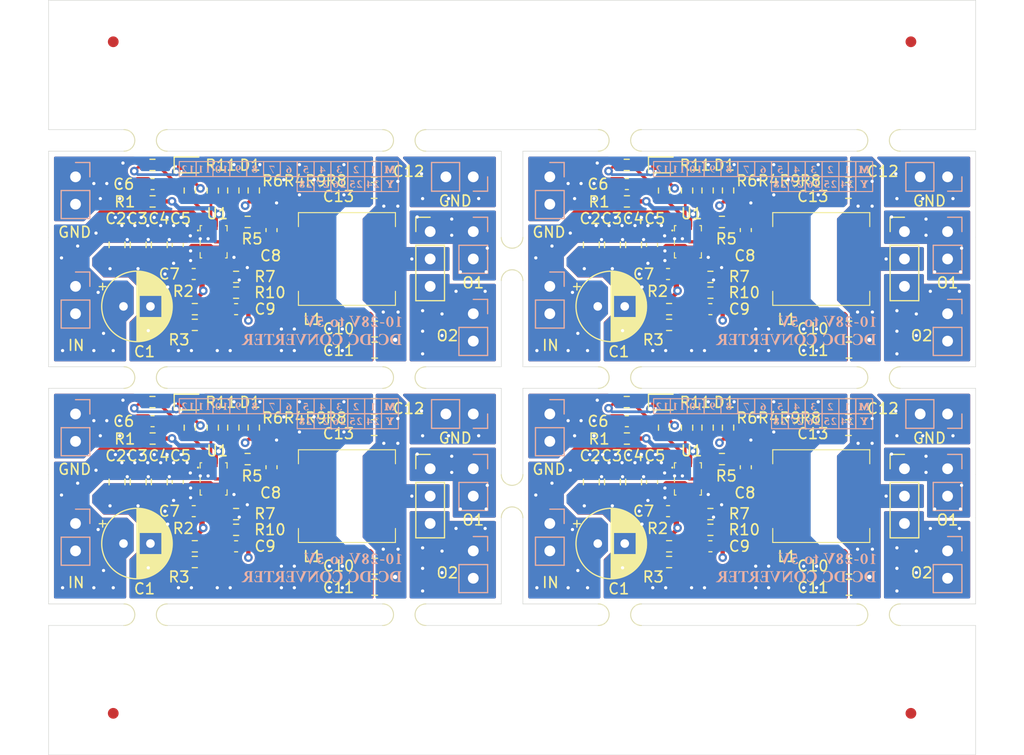
<source format=kicad_pcb>
(kicad_pcb (version 20240108) (generator "pcbnew") (generator_version "8.0")
  (layers (0 "F.Cu" signal) (1 "In1.Cu" signal) (2 "In2.Cu" signal) (31 "B.Cu" signal) (34 "B.Paste" user) (35 "F.Paste" user) (36 "B.SilkS" user "B.Silkscreen") (37 "F.SilkS" user "F.Silkscreen") (38 "B.Mask" user) (39 "F.Mask" user) (44 "Edge.Cuts" user))
  (net 0 "")
  (net 1 "GND")
  (net 2 "+24V")
  (net 3 "Net-(U1-EN)")
  (net 4 "VCC")
  (net 5 "Net-(C8-Pad2)")
  (net 6 "Net-(U1-SW)")
  (net 7 "+5V")
  (net 8 "Net-(U1-FB)")
  (net 9 "Net-(U1-VSEL1)")
  (net 10 "Net-(U1-VSEL2)")
  (net 11 "Net-(U1-ILIM)")
  (net 12 "Net-(U1-BST)")
  (net 13 "Net-(U1-PG)")
  (net 14 "Net-(U1-MODE)")
  (net 15 "Net-(D1-K)")
  (net 16 "Net-(J3-Pin_1)")
  (net 17 "Net-(J5-Pin_3)")
  (footprint "" (layer "F.Cu") (at 53 103.000001 180)
    (property "Reference" "")
    (property "Value" "")
  )
  (footprint "Panelization:mouse-bite-2mm-slot" (layer "F.Cu") (at 58.999999 93)
    (property "Reference" "mouse-bite-2mm-slot" (hide yes))
    (property "Value" "VAL**" (hide yes))
  )
  (footprint "Capacitor_SMD:C_0805_2012Metric" (layer "F.Cu") (at 80.204999 53.64 180)
    (property "Reference" "C13")
    (property "Value" "22u")
  )
  (footprint "Resistor_SMD:R_0603_1608Metric" (layer "F.Cu") (at 63.105 75.65 90)
    (property "Reference" "R6")
    (property "Value" "10k")
  )
  (footprint "Fiducial:Fiducial_0.5mm_Mask1mm" (layer "F.Cu") (at 55.5 73.5)
    (property "Reference" "REF**" (hide yes))
    (property "Value" "Fiducial_0.5mm_Mask1mm")
  )
  (footprint "HK:Inductor_IHLP3232DZER4R7M11_HK" (layer "F.Cu") (at 77.6805 82)
    (property "Reference" "L1")
    (property "Value" "4u7")
  )
  (footprint "Capacitor_SMD:C_0805_2012Metric" (layer "F.Cu") (at 104.2725 80.684999 -90)
    (property "Reference" "C4")
    (property "Value" "10u")
  )
  (footprint "Capacitor_THT:CP_Radial_D6.3mm_P2.50mm" (layer "F.Cu") (at 102.2 86.4)
    (property "Reference" "C1")
    (property "Value" "100u")
  )
  (footprint "Capacitor_SMD:C_0603_1608Metric" (layer "F.Cu") (at 105.9825 58.7 -90)
    (property "Reference" "C5")
    (property "Value" "100n")
  )
  (footprint "Fiducial:Fiducial_0.5mm_Mask1mm" (layer "F.Cu") (at 55.5 51.5)
    (property "Reference" "REF**" (hide yes))
    (property "Value" "Fiducial_0.5mm_Mask1mm")
  )
  (footprint "Panelization:mouse-bite-2mm-slot" (layer "F.Cu") (at 93 60 90)
    (property "Reference" "mouse-bite-2mm-slot" (hide yes))
    (property "Value" "VAL**" (hide yes))
  )
  (footprint "Resistor_SMD:R_0603_1608Metric" (layer "F.Cu") (at 59.6375 51.275)
    (property "Reference" "R11")
    (property "Value" "1k")
  )
  (footprint "Resistor_SMD:R_0603_1608Metric" (layer "F.Cu") (at 67.1375 75.645 90)
    (property "Reference" "R9")
    (property "Value" "0")
  )
  (footprint "Capacitor_SMD:C_0805_2012Metric" (layer "F.Cu") (at 60.2725 58.684999 -90)
    (property "Reference" "C4")
    (property "Value" "10u")
  )
  (footprint "Capacitor_SMD:C_0805_2012Metric" (layer "F.Cu") (at 80.205 73.68 180)
    (property "Reference" "C12")
    (property "Value" "22u")
  )
  (footprint "Capacitor_SMD:C_0805_2012Metric" (layer "F.Cu") (at 80.254999 68.46 180)
    (property "Reference" "C11")
    (property "Value" "22u")
  )
  (footprint "Resistor_SMD:R_0603_1608Metric" (layer "F.Cu") (at 107.5675 64.655)
    (property "Reference" "R2")
    (property "Value" "10k")
  )
  (footprint "Capacitor_SMD:C_0805_2012Metric" (layer "F.Cu") (at 80.254999 88.5 180)
    (property "Reference" "C10")
    (property "Value" "22u")
  )
  (footprint "Resistor_SMD:R_0603_1608Metric" (layer "F.Cu") (at 69.0375 53.645 -90)
    (property "Reference" "R8")
    (property "Value" "0")
  )
  (footprint "LED_SMD:LED_0603_1608Metric" (layer "F.Cu") (at 107.1375 73.275)
    (property "Reference" "D1")
    (property "Value" "LED")
  )
  (footprint "HK:Inductor_IHLP3232DZER4R7M11_HK" (layer "F.Cu") (at 121.6805 60)
    (property "Reference" "L1")
    (property "Value" "4u7")
  )
  (footprint "Fiducial:Fiducial_0.5mm_Mask1mm" (layer "F.Cu") (at 99.5 51.5)
    (property "Reference" "REF**" (hide yes))
    (property "Value" "Fiducial_0.5mm_Mask1mm")
  )
  (footprint "Capacitor_SMD:C_0805_2012Metric" (layer "F.Cu") (at 102.3125 80.685001 -90)
    (property "Reference" "C3")
    (property "Value" "10u")
  )
  (footprint "Capacitor_SMD:C_0603_1608Metric" (layer "F.Cu") (at 114.6825 57.32 90)
    (property "Reference" "C8")
    (property "Value" "1u")
  )
  (footprint "Connector_PinHeader_2.54mm:PinHeader_1x03_P2.54mm_Vertical" (layer "F.Cu") (at 85.4 82)
    (property "Reference" "J5" (hide yes))
    (property "Value" "Conn_01x03_Pin")
  )
  (footprint "Capacitor_SMD:C_0805_2012Metric" (layer "F.Cu") (at 124.254999 88.5 180)
    (property "Reference" "C10")
    (property "Value" "22u")
  )
  (footprint "Connector_PinHeader_2.54mm:PinHeader_1x03_P2.54mm_Vertical" (layer "F.Cu") (at 129.4 60)
    (property "Reference" "J5" (hide yes))
    (property "Value" "Conn_01x03_Pin")
  )
  (footprint "Resistor_SMD:R_0603_1608Metric" (layer "F.Cu") (at 65.2325 53.65 90)
    (property "Reference" "R4")
    (property "Value" "51k")
  )
  (footprint "Panelization:mouse-bite-2mm-slot" (layer "F.Cu") (at 59 71)
    (property "Reference" "mouse-bite-2mm-slot" (hide yes))
    (property "Value" "VAL**" (hide yes))
  )
  (footprint "Capacitor_SMD:C_0603_1608Metric" (layer "F.Cu") (at 59.6475 75.05 180)
    (property "Reference" "C6")
    (property "Value" "1n")
  )
  (footprint "Capacitor_SMD:C_0603_1608Metric" (layer "F.Cu") (at 59.6475 53.05 180)
    (property "Reference" "C6")
    (property "Value" "1n")
  )
  (footprint "Panelization:mouse-bite-2mm-slot" (layer "F.Cu") (at 127 71)
    (property "Reference" "mouse-bite-2mm-slot" (hide yes))
    (property "Value" "VAL**" (hide yes))
  )
  (footprint "Capacitor_SMD:C_0603_1608Metric" (layer "F.Cu") (at 61.9825 80.7 -90)
    (property "Reference" "C5")
    (property "Value" "100n")
  )
  (footprint "Resistor_SMD:R_0603_1608Metric" (layer "F.Cu") (at 63.5675 64.655)
    (property "Reference" "R2")
    (property "Value" "10k")
  )
  (footprint "" (layer "F.Cu") (at 132.999999 102.999999 180)
    (property "Reference" "")
    (property "Value" "")
  )
  (footprint "Resistor_SMD:R_0603_1608Metric" (layer "F.Cu") (at 59.6525 54.66)
    (property "Reference" "R1")
    (property "Value" "300k")
  )
  (footprint "Capacitor_SMD:C_0603_1608Metric" (layer "F.Cu") (at 107.4675 83.395 180)
    (property "Reference" "C7")
    (property "Value" "2u2")
  )
  (footprint "Capacitor_SMD:C_0805_2012Metric" (layer "F.Cu") (at 124.205 73.68 180)
    (property "Reference" "C12")
    (property "Value" "22u")
  )
  (footprint "Capacitor_SMD:C_0603_1608Metric" (layer "F.Cu") (at 67.3975 86.655 180)
    (property "Reference" "C9")
    (property "Value" "22p")
  )
  (footprint "Resistor_SMD:R_0603_1608Metric" (layer "F.Cu") (at 67.3975 83.665)
    (property "Reference" "R7")
    (property "Value" "11k")
  )
  (footprint "Capacitor_SMD:C_0805_2012Metric" (layer "F.Cu") (at 56.3525 80.685001 -90)
    (property "Reference" "C2")
    (property "Value" "10u")
  )
  (footprint "Resistor_SMD:R_0603_1608Metric" (layer "F.Cu") (at 111.3975 63.125 180)
    (property "Reference" "R10")
    (property "Value" "100k")
  )
  (footprint "Capacitor_SMD:C_0805_2012Metric" (layer "F.Cu") (at 124.205 51.68 180)
    (property "Reference" "C12")
    (property "Value" "22u")
  )
  (footprint "Capacitor_THT:CP_Radial_D6.3mm_P2.50mm" (layer "F.Cu") (at 58.2 86.4)
    (property "Reference" "C1")
    (property "Value" "100u")
  )
  (footprint "Capacitor_SMD:C_0805_2012Metric" (layer "F.Cu") (at 124.204999 53.64 180)
    (property "Reference" "C13")
    (property "Value" "22u")
  )
  (footprint "Fiducial:Fiducial_0.5mm_Mask1mm" (layer "F.Cu") (at 86.5 90.5)
    (property "Reference" "REF**" (hide yes))
    (property "Value" "Fiducial_0.5mm_Mask1mm")
  )
  (footprint "Fiducial:Fiducial_0.5mm_Mask1mm" (layer "F.Cu") (at 99.5 73.5)
    (property "Reference" "REF**" (hide yes))
    (property "Value" "Fiducial_0.5mm_Mask1mm")
  )
  (footprint "HK:QFN-13_HK" (layer "F.Cu") (at 109.3125 80.405)
    (property "Reference" "U1")
    (property "Value" "MP2491C")
  )
  (footprint "Resistor_SMD:R_0603_1608Metric" (layer "F.Cu") (at 59.6525 76.66)
    (property "Reference" "R1")
    (property "Value" "300k")
  )
  (footprint "Capacitor_SMD:C_0603_1608Metric" (layer "F.Cu") (at 111.3975 64.655 180)
    (property "Reference" "C9")
    (property "Value" "22p")
  )
  (footprint "Panelization:mouse-bite-2mm-slot" (layer "F.Cu") (at 83 49 180)
    (property "Reference" "mouse-bite-2mm-slot" (hide yes))
    (property "Value" "VAL**" (hide yes))
  )
  (footprint "Fiducial:Fiducial_1mm_Mask2mm" (layer "F.Cu") (at 55.999998 102.15 180)
    (property "Reference" "REF**" (hide yes))
    (property "Value" "Fiducial_1mm_Mask2mm")
  )
  (footprint "Connector_PinHeader_2.54mm:PinHeader_1x03_P2.54mm_Vertical" (layer "F.Cu") (at 129.4 82)
    (property "Reference" "J5" (hide yes))
    (property "Value" "Conn_01x03_Pin")
  )
  (footprint "Resistor_SMD:R_0603_1608Metric" (layer "F.Cu") (at 67.3975 63.125 180)
    (property "Reference" "R10")
    (property "Value" "100k")
  )
  (footprint "Resistor_SMD:R_0603_1608Metric" (layer "F.Cu") (at 112.4675 56.565)
    (property "Reference" "R5")
    (property "Value" "0")
  )
  (footprint "Capacitor_SMD:C_0805_2012Metric" (layer "F.Cu") (at 102.3125 58.685001 -90)
    (property "Reference" "C3")
    (property "Value" "10u")
  )
  (footprint "Resistor_SMD:R_0603_1608Metric" (layer "F.Cu") (at 109.2325 53.65 90)
    (property "Reference" "R4")
    (property "Value" "51k")
  )
  (footprint "Fiducial:Fiducial_1mm_Mask2mm" (layer "F.Cu") (at 56 39.85)
    (property "Reference" "REF**" (hide yes))
    (property "Value" "Fiducial_1mm_Mask2mm")
  )
  (footprint "Capacitor_SMD:C_0805_2012Metric" (layer "F.Cu") (at 60.2725 80.684999 -90)
    (property "Reference" "C4")
    (property "Value" "10u")
  )
  (footprint "Resistor_SMD:R_0603_1608Metric" (layer "F.Cu") (at 111.3975 85.125 180)
    (property "Reference" "R10")
    (property "Value" "100k")
  )
  (footprint "Capacitor_SMD:C_0805_2012Metric" (layer "F.Cu") (at 80.254999 90.46 180)
    (property "Reference" "C11")
    (property "Value" "22u")
  )
  (footprint "Resistor_SMD:R_0603_1608Metric" (layer "F.Cu") (at 103.6375 73.275)
    (property "Reference" "R11")
    (property "Value" "1k")
  )
  (footprint "Capacitor_THT:CP_Radial_D6.3mm_P2.50mm" (layer "F.Cu") (at 102.2 64.4)
    (property "Reference" "C1")
    (property "Value" "100u")
  )
  (footprint "Resistor_SMD:R_0603_1608Metric" (layer "F.Cu") (at 111.1375 53.645 90)
    (property "Reference" "R9")
    (property "Value" "0")
  )
  (footprint "Resistor_SMD:R_0603_1608Metric" (layer "F.Cu") (at 109.2325 75.65 90)
    (property "Reference" "R4")
    (property "Value" "51k")
  )
  (footprint "Capacitor_SMD:C_0805_2012Metric" (layer "F.Cu") (at 100.3525 58.685001 -90)
    (property "Reference" "C2")
    (property "Value" "10u")
  )
  (footprint "" (layer "F.Cu") (at 133 39)
    (property "Reference" "")
    (property "Value" "")
  )
  (footprint "Capacitor_THT:CP_Radial_D6.3mm_P2.50mm" (layer "F.Cu") (at 58.2 64.4)
    (property "Reference" "C1")
    (property "Value" "100u")
  )
  (footprint "HK:Inductor_IHLP3232DZER4R7M11_HK" (layer "F.Cu") (at 121.6805 82)
    (property "Reference" "L1")
    (property "Value" "4u7")
  )
  (footprint "Resistor_SMD:R_0603_1608Metric" (layer "F.Cu") (at 107.5675 66.115)
    (property "Reference" "R3")
    (property "Value" "10k")
  )
  (footprint "Panelization:mouse-bite-2mm-slot" (layer "F.Cu") (at 83 71)
    (property "Reference" "mouse-bite-2mm-slot" (hide yes))
    (property "Value" "VAL**" (hide yes))
  )
  (footprint "Capacitor_SMD:C_0603_1608Metric" (layer "F.Cu") (at 103.6475 75.05 180)
    (property "Reference" "C6")
    (property "Value" "1n")
  )
  (footprint "Fiducial:Fiducial_0.5mm_Mask1mm" (layer "F.Cu") (at 130.5 90.5)
    (property "Reference" "REF**" (hide yes))
    (property "Value" "Fiducial_0.5mm_Mask1mm")
  )
  (footprint "Panelization:mouse-bite-2mm-slot" (layer "F.Cu") (at 126.999999 93)
    (property "Reference" "mouse-bite-2mm-slot" (hide yes))
    (property "Value" "VAL**" (hide yes))
  )
  (footprint "Capacitor_SMD:C_0603_1608Metric" (layer "F.Cu") (at 111.3975 86.655 180)
    (property "Reference" "C9")
    (property "Value" "22p")
  )
  (footprint "Fiducial:Fiducial_1mm_Mask2mm" (layer "F.Cu") (at 129.999999 102.149999 180)
    (property "Reference" "REF**" (hide yes))
    (property "Value" "Fiducial_1mm_Mask2mm")
  )
  (footprint "Resistor_SMD:R_0603_1608Metric" (layer "F.Cu") (at 103.6525 54.66)
    (property "Reference" "R1")
    (property "Value" "300k")
  )
  (footprint "Resistor_SMD:R_0603_1608Metric" (layer "F.Cu") (at 107.105 75.65 90)
    (property "Reference" "R6")
    (property "Value" "10k")
  )
  (footprint "LED_SMD:LED_0603_1608Metric" (layer "F.Cu") (at 63.1375 51.275)
    (property "Reference" "D1")
    (property "Value" "LED")
  )
  (footprint "Panelization:mouse-bite-2mm-slot" (layer "F.Cu") (at 103 71)
    (property "Reference" "mouse-bite-2mm-slot" (hide yes))
    (property "Value" "VAL**" (hide yes))
  )
  (footprint "Resistor_SMD:R_0603_1608Metric" (layer "F.Cu") (at 63.5675 88.115)
    (property "Reference" "R3")
    (property "Value" "10k")
  )
  (footprint "Resistor_SMD:R_0603_1608Metric" (layer "F.Cu") (at 69.0375 75.645 -90)
    (property "Reference" "R8")
    (property "Value" "0")
  )
  (footprint "Capacitor_SMD:C_0603_1608Metric" (layer "F.Cu") (at 70.6825 57.32 90)
    (property "Reference" "C8")
    (property "Value" "1u")
  )
  (footprint "Capacitor_SMD:C_0603_1608Metric" (layer "F.Cu") (at 70.6825 79.32 90)
    (property "Reference" "C8")
    (property "Value" "1u")
  )
  (footprint "" (layer "F.Cu") (at 53 39)
    (property "Reference" "")
    (property "Value" "")
  )
  (footprint "LED_SMD:LED_0603_1608Metric" (layer "F.Cu") (at 63.1375 73.275)
    (property "Reference" "D1")
    (property "Value" "LED")
  )
  (footprint "Resistor_SMD:R_0603_1608Metric" (layer "F.Cu") (at 63.5675 66.115)
    (property "Reference" "R3")
    (property "Value" "10k")
  )
  (footprint "Resistor_SMD:R_0603_1608Metric" (layer "F.Cu") (at 65.2325 75.65 90)
    (property "Reference" "R4")
    (property "Value" "51k")
  )
  (footprint "Capacitor_SMD:C_0603_1608Metric" (layer "F.Cu") (at 105.9825 80.7 -90)
    (property "Reference" "C5")
    (property "Value" "100n")
  )
  (footprint "Resistor_SMD:R_0603_1608Metric" (layer "F.Cu") (at 67.3975 61.665)
    (property "Reference" "R7")
    (property "Value" "11k")
  )
  (footprint "Resistor_SMD:R_0603_1608Metric" (layer "F.Cu") (at 63.105 53.65 90)
    (property "Reference" "R6")
    (property "Value" "10k")
  )
  (footprint "LED_SMD:LED_0603_1608Metric" (layer "F.Cu") (at 107.1375 51.275)
    (property "Reference" "D1")
    (property "Value" "LED")
  )
  (footprint "Panelization:mouse-bite-2mm-slot" (layer "F.Cu") (at 82.999999 93)
    (property "Reference" "mouse-bite-2mm-slot" (hide yes))
    (property "Value" "VAL**" (hide yes))
  )
  (footprint "Capacitor_SMD:C_0805_2012Metric" (layer "F.Cu") (at 80.204999 75.64 180)
    (property "Reference" "C13")
    (property "Value" "22u")
  )
  (footprint "Fiducial:Fiducial_1mm_Mask2mm" (layer "F.Cu") (at 130 39.85)
    (property "Reference" "REF**" (hide yes))
    (property "Value" "Fiducial_1mm_Mask2mm")
  )
  (footprint "Resistor_SMD:R_0603_1608Metric" (layer "F.Cu") (at 111.3975 83.665)
    (property "Reference" "R7")
    (property "Value" "11k")
  )
  (footprint "Resistor_SMD:R_0603_1608Metric" (layer "F.Cu") (at 111.1375 75.645 90)
    (property "Reference" "R9")
    (property "Value" "0")
  )
  (footprint "Capacitor_SMD:C_0603_1608Metric" (layer "F.Cu") (at 67.3975 64.655 180)
    (property "Reference" "C9")
    (property "Value" "22p")
  )
  (footprint "Resistor_SMD:R_0603_1608Metric" (layer "F.Cu") (at 113.0375 53.645 -90)
    (property "Reference" "R8")
    (property "Value" "0")
  )
  (footprint "Resistor_SMD:R_0603_1608Metric" (layer "F.Cu") (at 67.3975 85.125 180)
    (property "Reference" "R10")
    (property "Value" "100k")
  )
  (footprint "Capacitor_SMD:C_0805_2012Metric" (layer "F.Cu") (at 58.3125 58.685001 -90)
    (property "Reference" "C3")
    (property "Value" "10u")
  )
  (footprint "Resistor_SMD:R_0603_1608Metric" (layer "F.Cu") (at 113.0375 75.645 -90)
    (property "Reference" "R8")
    (property "Value" "0")
  )
  (footprint "Resistor_SMD:R_0603_1608Metric" (layer "F.Cu") (at 103.6375 51.275)
    (property "Reference" "R11")
    (property "Value" "1k")
  )
  (footprint "HK:QFN-13_HK" (layer "F.Cu") (at 109.3125 58.405)
    (property "Reference" "U1")
    (property "Value" "MP2491C")
  )
  (footprint "Capacitor_SMD:C_0805_2012Metric" (layer "F.Cu") (at 104.2725 58.684999 -90)
    (property "Reference" "C4")
    (property "Value" "10u")
  )
  (footprint "Resistor_SMD:R_0603_1608Metric" (layer "F.Cu") (at 112.4675 78.565)
    (property "Reference" "R5")
    (property "Value" "0")
  )
  (footprint "Resistor_SMD:R_0603_1608Metric" (layer "F.Cu") (at 107.105 53.65 90)
    (property "Reference" "R6")
    (property "Value" "10k")
  )
  (footprint "Resistor_SMD:R_0603_1608Metric" (layer "F.Cu") (at 68.4675 78.565)
    (property "Reference" "R5")
    (property "Value" "0")
  )
  (footprint "Fiducial:Fiducial_0.5mm_Mask1mm" (layer "F.Cu") (at 130.5 68.5)
    (property "Reference" "REF**" (hide yes))
    (property "Value" "Fiducial_0.5mm_Mask1mm")
  )
  (footprint "Capacitor_SMD:C_0805_2012Metric" (layer "F.Cu") (at 80.254999 66.5 180)
    (property "Reference" "C10")
    (property "Value" "22u")
  )
  (footprint "Capacitor_SMD:C_0805_2012Metric" (layer "F.Cu") (at 80.205 51.68 180)
    (property "Reference" "C12")
    (property "Value" "22u")
  )
  (footprint "Capacitor_SMD:C_0603_1608Metric" (layer "F.Cu") (at 61.9825 58.7 -90)
    (property "Reference" "C5")
    (property "Value" "100n")
  )
  (footprint "Capacitor_SMD:C_0805_2012Metric" (layer "F.Cu") (at 56.3525 58.685001 -90)
    (property "Reference" "C2")
    (property "Value" "10u")
  )
  (footprint "Connector_PinHeader_2.54mm:PinHeader_1x03_P2.54mm_Vertical" (layer "F.Cu") (at 85.4 60)
    (property "Reference" "J5" (hide yes))
    (property "Value" "Conn_01x03_Pin")
  )
  (footprint "Capacitor_SMD:C_0603_1608Metric" (layer "F.Cu") (at 103.6475 53.05 180)
    (property "Reference" "C6")
    (property "Value" "1n")
  )
  (footprint "Resistor_SMD:R_0603_1608Metric" (layer "F.Cu") (at 63.5675 86.655)
    (property "Reference" "R2")
    (property "Value" "10k")
  )
  (footprint "Fiducial:Fiducial_0.5mm_Mask1mm" (layer "F.Cu") (at 86.5 68.5)
    (property "Reference" "REF**" (hide yes))
    (property "Value" "Fiducial_0.5mm_Mask1mm")
  )
  (footprint "Capacitor_SMD:C_0603_1608Metric" (layer "F.Cu") (at 63.4675 83.395 180)
    (property "Reference" "C7")
    (property "Value" "2u2")
  )
  (footprint "Panelization:mouse-bite-2mm-slot" (layer "F.Cu") (at 102.999999 93)
    (property "Reference" "mouse-bite-2mm-slot" (hide yes))
    (property "Value" "VAL**" (hide yes))
  )
  (footprint "Resistor_SMD:R_0603_1608Metric" (layer "F.Cu") (at 68.4675 56.565)
    (property "Reference" "R5")
    (property "Value" "0")
  )
  (footprint "Panelization:mouse-bite-2mm-slot" (layer "F.Cu") (at 93 82 90)
    (property "Reference" "mouse-bite-2mm-slot" (hide yes))
    (property "Value" "VAL**" (hide yes))
  )
  (footprint "Capacitor_SMD:C_0603_1608Metric" (layer "F.Cu") (at 107.4675 61.395 180)
    (property "Reference" "C7")
    (property "Value" "2u2")
  )
  (footprint "HK:QFN-13_HK" (layer "F.Cu") (at 65.3125 58.405)
    (property "Reference" "U1")
    (property "Value" "MP2491C")
  )
  (footprint "Resistor_SMD:R_0603_1608Metric" (layer "F.Cu") (at 103.6525 76.66)
    (property "Reference" "R1")
    (property "Value" "300k")
  )
  (footprint "Capacitor_SMD:C_0603_1608Metric" (layer "F.Cu") (at 114.6825 79.32 90)
    (property "Reference" "C8")
    (property "Value" "1u")
  )
  (footprint "Capacitor_SMD:C_0805_2012Metric" (layer "F.Cu") (at 58.3125 80.685001 -90)
    (property "Reference" "C3")
    (property "Value" "10u")
  )
  (footprint "Capacitor_SMD:C_0603_1608Metric" (layer "F.Cu") (at 63.4675 61.395 180)
    (property "Reference" "C7")
    (property "Value" "2u2")
  )
  (footprint "Capacitor_SMD:C_0805_2012Metric" (layer "F.Cu") (at 124.254999 90.46 180)
    (property "Reference" "C11")
    (property "Value" "22u")
  )
  (footprint "Resistor_SMD:R_0603_1608Metric" (layer "F.Cu") (at 111.3975 61.665)
    (property "Reference" "R7")
    (property "Value" "11k")
  )
  (footprint "Resistor_SMD:R_0603_1608Metric" (layer "F.Cu") (at 107.5675 86.655)
    (property "Reference" "R2")
    (property "Value" "10k")
  )
  (footprint "HK:QFN-13_HK" (layer "F.Cu") (at 65.3125 80.405)
    (property "Reference" "U1")
    (property "Value" "MP2491C")
  )
  (footprint "Resistor_SMD:R_0603_1608Metric" (layer "F.Cu") (at 107.5675 88.115)
    (property "Reference" "R3")
    (property "Value" "10k")
  )
  (footprint "Capacitor_SMD:C_0805_2012Metric" (layer "F.Cu") (at 100.3525 80.685001 -90)
    (property "Reference" "C2")
    (property "Value" "10u")
  )
  (footprint "Capacitor_SMD:C_0805_2012Metric" (layer "F.Cu") (at 124.204999 75.64 180)
    (property "Reference" "C13")
    (property "Value" "22u")
  )
  (footprint "Panelization:mouse-bite-2mm-slot" (layer "F.Cu") (at 59 49 180)
    (property "Reference" "mouse-bite-2mm-slot" (hide yes))
    (property "Value" "VAL**" (hide yes))
  )
  (footprint "Capacitor_SMD:C_0805_2012Metric" (layer "F.Cu") (at 124.254999 66.5 180)
    (property "Reference" "C10")
    (property "Value" "22u")
  )
  (footprint "Panelization:mouse-bite-2mm-slot" (layer "F.Cu") (at 103 49 180)
    (property "Reference" "mouse-bite-2mm-slot" (hide yes))
    (property "Value" "VAL**" (hide yes))
  )
  (footprint "Capacitor_SMD:C_0805_2012Metric" (layer "F.Cu") (at 124.254999 68.46 180)
    (property "Reference" "C11")
    (property "Value" "22u")
  )
  (footprint "Resistor_SMD:R_0603_1608Metric" (layer "F.Cu") (at 67.1375 53.645 90)
    (property "Reference" "R9")
    (property "Value" "0")
  )
  (footprint "Resistor_SMD:R_0603_1608Metric" (layer "F.Cu") (at 59.6375 73.275)
    (property "Reference" "R11")
    (property "Value" "1k")
  )
  (footprint "Panelization:mouse-bite-2mm-slot" (layer "F.Cu") (at 127 49 180)
    (property "Reference" "mouse-bite-2mm-slot" (hide yes))
    (property "Value" "VAL**" (hide yes))
  )
  (footprint "HK:Inductor_IHLP3232DZER4R7M11_HK" (layer "F.Cu") (at 77.6805 60)
    (property "Reference" "L1")
    (property "Value" "4u7")
  )
  (footprint "Connector_PinHeader_2.54mm:PinHeader_1x02_P2.54mm_Vertical" (layer "B.Cu") (at 96.5 53.65 180)
    (property "Reference" "J2" (hide yes))
    (property "Value" "Conn_01x02_Pin")
  )
  (footprint "Connector_PinHeader_2.54mm:PinHeader_1x02_P2.54mm_Vertical" (layer "B.Cu") (at 132.13 74.38 90)
    (property "Reference" "J4" (hide yes))
    (property "Value" "Conn_01x02_Pin")
  )
  (footprint "Connector_PinHeader_2.54mm:PinHeader_1x02_P2.54mm_Vertical" (layer "B.Cu") (at 133.4 88.35 180)
    (property "Reference" "J6" (hide yes))
    (property "Value" "Conn_01x02_Pin")
  )
  (footprint "Connector_PinHeader_2.54mm:PinHeader_1x02_P2.54mm_Vertical" (layer "B.Cu") (at 89.4 80.73 180)
    (property "Reference" "J3" (hide yes))
    (property "Value" "Conn_01x02_Pin")
  )
  (footprint "Connector_PinHeader_2.54mm:PinHeader_1x02_P2.54mm_Vertical" (layer "B.Cu") (at 133.4 80.73 180)
    (property "Reference" "J3" (hide yes))
    (property "Value" "Conn_01x02_Pin")
  )
  (footprint "Connector_PinHeader_2.54mm:PinHeader_1x02_P2.54mm_Vertical" (layer "B.Cu") (at 52.5 85.81 180)
    (property "Reference" "J1" (hide yes))
    (property "Value" "Conn_01x02_Pin")
  )
  (footprint "Connector_PinHeader_2.54mm:PinHeader_1x02_P2.54mm_Vertical" (layer "B.Cu") (at 133.4 58.73 180)
    (property "Reference" "J3" (hide yes))
    (property "Value" "Conn_01x02_Pin")
  )
  (footprint "Connector_PinHeader_2.54mm:PinHeader_1x02_P2.54mm_Vertical" (layer "B.Cu") (at 89.4 88.35 180)
    (property "Reference" "J6" (hide yes))
    (property "Value" "Conn_01x02_Pin")
  )
  (footprint "Connector_PinHeader_2.54mm:PinHeader_1x02_P2.54mm_Vertical" (layer "B.Cu") (at 89.4 58.73 180)
    (property "Reference" "J3" (hide yes))
    (property "Value" "Conn_01x02_Pin")
  )
  (footprint "Connector_PinHeader_2.54mm:PinHeader_1x02_P2.54mm_Vertical" (layer "B.Cu") (at 133.4 66.35 180)
    (property "Reference" "J6" (hide yes))
    (property "Value" "Conn_01x02_Pin")
  )
  (footprint "Connector_PinHeader_2.54mm:PinHeader_1x02_P2.54mm_Vertical" (layer "B.Cu") (at 52.5 63.81 180)
    (property "Reference" "J1" (hide yes))
    (property "Value" "Conn_01x02_Pin")
  )
  (footprint "Connector_PinHeader_2.54mm:PinHeader_1x02_P2.54mm_Vertical" (layer "B.Cu") (at 89.4 66.35 180)
    (property "Reference" "J6" (hide yes))
    (property "Value" "Conn_01x02_Pin")
  )
  (footprint "Connector_PinHeader_2.54mm:PinHeader_1x02_P2.54mm_Vertical" (layer "B.Cu") (at 96.5 85.81 180)
    (property "Reference" "J1" (hide yes))
    (property "Value" "Conn_01x02_Pin")
  )
  (footprint "Connector_PinHeader_2.54mm:PinHeader_1x02_P2.54mm_Vertical" (layer "B.Cu") (at 96.5 63.81 180)
    (property "Reference" "J1" (hide yes))
    (property "Value" "Conn_01x02_Pin")
  )
  (footprint "Connector_PinHeader_2.54mm:PinHeader_1x02_P2.54mm_Vertical" (layer "B.Cu") (at 88.13 52.38 90)
    (property "Reference" "J4" (hide yes))
    (property "Value" "Conn_01x02_Pin")
  )
  (footprint "Connector_PinHeader_2.54mm:PinHeader_1x02_P2.54mm_Vertical" (layer "B.Cu") (at 96.5 75.65 180)
    (property "Reference" "J2" (hide yes))
    (property "Value" "Conn_01x02_Pin")
  )
  (footprint "Connector_PinHeader_2.54mm:PinHeader_1x02_P2.54mm_Vertical" (layer "B.Cu") (at 88.13 74.38 90)
    (property "Reference" "J4" (hide yes))
    (property "Value" "Conn_01x02_Pin")
  )
  (footprint "Connector_PinHeader_2.54mm:PinHeader_1x02_P2.54mm_Vertical" (layer "B.Cu") (at 132.13 52.38 90)
    (property "Reference" "J4" (hide yes))
    (property "Value" "Conn_01x02_Pin")
  )
  (footprint "Connector_PinHeader_2.54mm:PinHeader_1x02_P2.54mm_Vertical" (layer "B.Cu") (at 52.5 53.65 180)
    (property "Reference" "J2" (hide yes))
    (property "Value" "Conn_01x02_Pin")
  )
  (footprint "Connector_PinHeader_2.54mm:PinHeader_1x02_P2.54mm_Vertical" (layer "B.Cu") (at 52.5 75.65 180)
    (property "Reference" "J2" (hide yes))
    (property "Value" "Conn_01x02_Pin")
  )
  (gr_poly (pts (xy 124.101849 89.547308) (xy 124.114821 89.547908) (xy 124.131158 89.548907) (xy 124.150862 89.550305) (xy 124.195225 89.552307) (xy 124.24592 89.555104) (xy 124.271958 89.556005) (xy 124.297799 89.557106) (xy 124.323445 89.558405) (xy 124.348894 89.559903) (xy 124.395229 89.561498) (xy 124.432856 89.563099) (xy 124.466127 89.564702) (xy 124.466123 89.564526) (xy 124.468107 89.569007) (xy 124.47009 89.573736) (xy 124.472071 89.578712) (xy 124.474051 89.583935) (xy 124.476031 89.589406) (xy 124.478009 89.595125) (xy 124.479986 89.601091) (xy 124.481962 89.607304) (xy 124.483439 89.613219) (xy 124.484719 89.619084) (xy 124.485802 89.624901) (xy 124.486688 89.630667) (xy 124.487377 89.636385) (xy 124.48787 89.642053) (xy 124.488165 89.647671) (xy 124.488264 89.653241) (xy 124.488253 89.654313) (xy 124.488221 89.655351) (xy 124.488167 89.656356) (xy 124.488091 89.657326) (xy 124.487993 89.658262) (xy 124.487874 89.659164) (xy 124.487733 89.660033) (xy 124.487571 89.660867) (xy 124.487387 89.661667) (xy 124.487181 89.662433) (xy 124.486954 89.663165) (xy 124.486705 89.663863) (xy 124.486434 89.664527) (xy 124.486141 89.665157) (xy 124.485827 89.665753) (xy 124.485492 89.666315) (xy 124.485134 89.666843) (xy 124.484755 89.667336) (xy 124.484355 89.667796) (xy 124.483932 89.668222) (xy 124.483488 89.668613) (xy 124.483023 89.668971) (xy 124.482535 89.669295) (xy 124.482026 89.669584) (xy 124.481496 89.669839) (xy 124.480943 89.670061) (xy 124.480369 89.670248) (xy 124.479774 89.670401) (xy 124.479156 89.670521) (xy 124.478518 89.670606) (xy 124.477857 89.670657) (xy 124.477175 89.670674) (xy 124.334593 89.664372) (xy 124.266074 89.661244) (xy 124.2031 89.65807) (xy 124.147655 89.655273) (xy 124.104879 89.653271) (xy 124.102545 89.64805) (xy 124.100312 89.64268) (xy 124.098181 89.637161) (xy 124.09615 89.631493) (xy 124.094221 89.625677) (xy 124.092393 89.619711) (xy 124.090666 89.613597) (xy 124.089041 89.607335) (xy 124.087189 89.600701) (xy 124.085584 89.594266) (xy 124.084226 89.588027) (xy 124.083115 89.581987) (xy 124.082251 89.576144) (xy 124.081634 89.570499) (xy 124.081264 89.565052) (xy 124.081171 89.562403) (xy 124.08114 89.559804) (xy 124.081153 89.558648) (xy 124.081191 89.557555) (xy 124.081253 89.556523) (xy 124.081341 89.555552) (xy 124.081453 89.554643) (xy 124.081591 89.553796) (xy 124.081753 89.55301) (xy 124.081844 89.55264) (xy 124.081941 89.552286) (xy 124.082044 89.551947) (xy 124.082154 89.551623) (xy 124.082269 89.551315) (xy 124.082391 89.551022) (xy 124.082519 89.550745) (xy 124.082654 89.550483) (xy 124.082794 89.550236) (xy 124.082941 89.550005) (xy 124.083094 89.549789) (xy 124.083254 89.549589) (xy 124.083419 89.549404) (xy 124.083591 89.549234) (xy 124.083769 89.54908) (xy 124.083954 89.548942) (xy 124.084144 89.548818) (xy 124.084341 89.54871) (xy 124.084735 89.548516) (xy 124.085143 89.548335) (xy 124.085564 89.548166) (xy 124.085998 89.548009) (xy 124.086445 89.547866) (xy 124.086905 89.547734) (xy 124.087379 89.547615) (xy 124.087866 89.547509) (xy 124.088367 89.547415) (xy 124.08888 89.547334) (xy 124.089407 89.547265) (xy 124.089947 89.547208) (xy 124.090501 89.547165) (xy 124.091068 89.547133) (xy 124.091648 89.547115) (xy 124.092241 89.547108)) (stroke (width -0.000001)) (fill solid) (layer "B.SilkS"))
  (gr_poly (pts (xy 120.966866 73.348345) (xy 120.975687 73.348733) (xy 120.984393 73.34938) (xy 120.992981 73.350285) (xy 121.001453 73.35145) (xy 121.009809 73.352873) (xy 121.018048 73.354555) (xy 121.026171 73.356495) (xy 121.034177 73.358694) (xy 121.042067 73.361153) (xy 121.04984 73.363869) (xy 121.057498 73.366845) (xy 121.065039 73.370079) (xy 121.072463 73.373572) (xy 121.079772 73.377324) (xy 121.086964 73.381335) (xy 121.094005 73.385499) (xy 121.100863 73.389715) (xy 121.107537 73.393983) (xy 121.114026 73.398303) (xy 121.120331 73.402675) (xy 121.126452 73.407099) (xy 121.132389 73.411574) (xy 121.138142 73.416101) (xy 121.14371 73.42068) (xy 121.149094 73.425311) (xy 121.154294 73.429994) (xy 121.15931 73.434728) (xy 121.164142 73.439514) (xy 121.16879 73.444352) (xy 121.173253 73.449242) (xy 121.177532 73.454184) (xy 121.177518 73.455163) (xy 121.177474 73.45616) (xy 121.177402 73.457173) (xy 121.177301 73.458202) (xy 121.17717 73.459248) (xy 121.177011 73.460311) (xy 121.176823 73.46139) (xy 121.176606 73.462487) (xy 121.176086 73.464728) (xy 121.17545 73.467037) (xy 121.174698 73.469412) (xy 121.173832 73.471854) (xy 121.17336 73.473066) (xy 121.172867 73.474217) (xy 121.172354 73.475308) (xy 121.171821 73.476339) (xy 121.171267 73.477309) (xy 121.170693 73.478219) (xy 121.170098 73.479068) (xy 121.169483 73.479857) (xy 121.168848 73.480585) (xy 121.168192 73.481253) (xy 121.167516 73.48186) (xy 121.16682 73.482407) (xy 121.166464 73.482658) (xy 121.166103 73.482894) (xy 121.165737 73.483115) (xy 121.165365 73.48332) (xy 121.164989 73.483511) (xy 121.164608 73.483686) (xy 121.164221 73.483847) (xy 121.16383 73.483992) (xy 121.162377 73.48275) (xy 121.160497 73.481232) (xy 121.158189 73.479438) (xy 121.155455 73.477369) (xy 121.148704 73.472403) (xy 121.140247 73.466334) (xy 121.135148 73.462778) (xy 121.129777 73.459291) (xy 121.124135 73.455874) (xy 121.118222 73.452527) (xy 121.112038 73.449249) (xy 121.105581 73.446041) (xy 121.098854 73.442902) (xy 121.091854 73.439833) (xy 121.088124 73.438363) (xy 121.084374 73.436988) (xy 121.080604 73.435708) (xy 121.076815 73.434523) (xy 121.073007 73.433432) (xy 121.069179 73.432437) (xy 121.065331 73.431536) (xy 121.061464 73.43073) (xy 121.057578 73.430018) (xy 121.053672 73.429402) (xy 121.049746 73.42888) (xy 121.045802 73.428453) (xy 121.041837 73.428121) (xy 121.037853 73.427884) (xy 121.03385 73.427742) (xy 121.029827 73.427695) (xy 121.023105 73.427833) (xy 121.016587 73.428246) (xy 121.010272 73.428936) (xy 121.004161 73.429902) (xy 120.998253 73.431144) (xy 120.992549 73.432661) (xy 120.987048 73.434455) (xy 120.98175 73.436524) (xy 120.976657 73.43887) (xy 120.971766 73.441491) (xy 120.967079 73.444388) (xy 120.962596 73.447562) (xy 120.958316 73.451011) (xy 120.95424 73.454736) (xy 120.950367 73.458738) (xy 120.946697 73.463015) (xy 120.943091 73.467352) (xy 120.939718 73.471811) (xy 120.936577 73.47639) (xy 120.93367 73.481089) (xy 120.930994 73.48591) (xy 120.928551 73.490851) (xy 120.926341 73.495913) (xy 120.924364 73.501096) (xy 120.922619 73.506399) (xy 120.921107 73.511823) (xy 120.919828 73.517368) (xy 120.918781 73.523034) (xy 120.917967 73.52882) (xy 120.917385 73.534727) (xy 120.917036 73.540755) (xy 120.91692 73.546904) (xy 120.917041 73.551548) (xy 120.917404 73.556097) (xy 120.91801 73.560551) (xy 120.918858 73.56491) (xy 120.919949 73.569175) (xy 120.921281 73.573345) (xy 120.922856 73.577419) (xy 120.924674 73.581399) (xy 120.926734 73.585284) (xy 120.929036 73.589074) (xy 120.931581 73.59277) (xy 120.934368 73.59637) (xy 120.937397 73.599876) (xy 120.940669 73.603287) (xy 120.944184 73.606602) (xy 120.947941 73.609823) (xy 120.951711 73.61282) (xy 120.955579 73.615738) (xy 120.959544 73.618579) (xy 120.963605 73.621343) (xy 120.967763 73.624029) (xy 120.972019 73.626637) (xy 120.976371 73.629168) (xy 120.980821 73.631621) (xy 120.985367 73.633997) (xy 120.99001 73.636295) (xy 120.994751 73.638516) (xy 120.999588 73.640659) (xy 121.004523 73.642724) (xy 121.009554 73.644712) (xy 121.014683 73.646622) (xy 121.019909 73.648455) (xy 121.030051 73.651627) (xy 121.039999 73.654563) (xy 121.049752 73.657262) (xy 121.059311 73.659725) (xy 121.068675 73.661952) (xy 121.077845 73.663943) (xy 121.08682 73.665697) (xy 121.0956 73.667216) (xy 121.095752 73.667507) (xy 121.095883 73.667806) (xy 121.095994 73.668113) (xy 121.096085 73.668428) (xy 121.096156 73.668751) (xy 121.096206 73.669081) (xy 121.096237 73.669419) (xy 121.096247 73.669765) (xy 121.096237 73.670119) (xy 121.096206 73.670481) (xy 121.096156 73.67085) (xy 121.096085 73.671228) (xy 121.095994 73.671613) (xy 121.095883 73.672006) (xy 121.095752 73.672407) (xy 121.0956 73.672816) (xy 121.0956 73.677214) (xy 121.095561 73.678996) (xy 121.095444 73.680752) (xy 121.095248 73.682483) (xy 121.094975 73.684187) (xy 121.094623 73.685865) (xy 121.094194 73.687517) (xy 121.093686 73.689143) (xy 121.0931 73.690743) (xy 121.092435 73.692317) (xy 121.091693 73.693865) (xy 121.090872 73.695387) (xy 121.089974 73.696883) (xy 121.088997 73.698352) (xy 121.087942 73.699796) (xy 121.086809 73.701213) (xy 121.085598 73.702605) (xy 121.079782 73.701298) (xy 121.074121 73.70013) (xy 121.068615 73.699099) (xy 121.063265 73.698205) (xy 121.05807 73.697448) (xy 121.053029 73.69683) (xy 121.048145 73.696349) (xy 121.043415 73.696005) (xy 121.034431 73.695042) (xy 121.030634 73.694663) (xy 121.027301 73.694354) (xy 121.02443 73.694113) (xy 121.022023 73.693941) (xy 121.020078 73.693838) (xy 121.018597 73.693804) (xy 121.013527 73.69389) (xy 121.008554 73.694149) (xy 121.003678 73.69458) (xy 120.998898 73.695184) (xy 120.994216 73.69596) (xy 120.989631 73.696909) (xy 120.985142 73.69803) (xy 120.980751 73.699323) (xy 120.976456 73.70079) (xy 120.972259 73.702428) (xy 120.968158 73.704239) (xy 120.964154 73.706223) (xy 120.960247 73.708379) (xy 120.956437 73.710708) (xy 120.952724 73.71321) (xy 120.949108 73.715884) (xy 120.945438 73.718697) (xy 120.941874 73.721613) (xy 120.938418 73.724633) (xy 120.935068 73.727756) (xy 120.931824 73.730983) (xy 120.928688 73.734312) (xy 120.925658 73.737745) (xy 120.922735 73.741282) (xy 120.919919 73.744922) (xy 120.917209 73.748665) (xy 120.914607 73.752511) (xy 120.912111 73.756461) (xy 120.909722 73.760514) (xy 120.907439 73.764671) (xy 120.905263 73.768931) (xy 120.903194 73.773295) (xy 120.901242 73.777598) (xy 120.899415 73.781954) (xy 120.897714 73.786361) (xy 120.896139 73.79082) (xy 120.89469 73.79533) (xy 120.893367 73.799893) (xy 120.89217 73.804506) (xy 120.891099 73.809172) (xy 120.890154 73.813889) (xy 120.889335 73.818658) (xy 120.888641 73.823479) (xy 120.888074 73.828351) (xy 120.887633 73.833275) (xy 120.887318 73.83825) (xy 120.887129 73.843278) (xy 120.887066 73.848356) (xy 120.887177 73.857339) (xy 120.887512 73.866071) (xy 120.888069 73.874553) (xy 120.88885 73.882785) (xy 120.889853 73.890766) (xy 120.891079 73.898498) (xy 120.892529 73.905979) (xy 120.894201 73.91321) (xy 120.896097 73.920191) (xy 120.898215 73.926922) (xy 120.900556 73.933403) (xy 120.90312 73.939633) (xy 120.905908 73.945613) (xy 120.908918 73.951344) (xy 120.912151 73.956824) (xy 120.915607 73.962054) (xy 120.919286 73.966866) (xy 120.923188 73.971368) (xy 120.927313 73.975559) (xy 120.931661 73.97944) (xy 120.936231 73.98301) (xy 120.941024 73.98627) (xy 120.946041 73.98922) (xy 120.95128 73.991859) (xy 120.956741 73.994188) (xy 120.962426 73.996206) (xy 120.968334 73.997914) (xy 120.974465 73.999311) (xy 120.980818 74.000398) (xy 120.987395 74.001174) (xy 120.994194 74.00164) (xy 121.001217 74.001795) (xy 121.004159 74.001739) (xy 121.007091 74.001571) (xy 121.010014 74.001291) (xy 121.012927 74.000898) (xy 121.01583 74.000394) (xy 121.018724 73.999777) (xy 121.021608 73.999048) (xy 121.024483 73.998207) (xy 121.027347 73.997254) (xy 121.030203 73.996189) (xy 121.033048 73.995012) (xy 121.035884 73.993723) (xy 121.03871 73.992321) (xy 121.041526 73.990808) (xy 121.044333 73.989182) (xy 121.047131 73.987444) (xy 121.052345 73.983545) (xy 121.057443 73.979576) (xy 121.062425 73.975539) (xy 121.06729 73.971434) (xy 121.072039 73.96726) (xy 121.076672 73.963017) (xy 121.081189 73.958705) (xy 121.08559 73.954325) (xy 121.089388 73.950428) (xy 121.093341 73.946461) (xy 121.09745 73.942426) (xy 121.101714 73.93832) (xy 121.106134 73.934146) (xy 121.11071 73.929902) (xy 121.115441 73.925589) (xy 121.120327 73.921206) (xy 121.122677 73.919067) (xy 121.125076 73.917067) (xy 121.127523 73.915205) (xy 121.130019 73.91348) (xy 121.132563 73.911894) (xy 121.135156 73.910445) (xy 121.137797 73.909135) (xy 121.140487 73.907962) (xy 121.143225 73.906927) (xy 121.146012 73.906031) (xy 121.148847 73.905272) (xy 121.151731 73.904651) (xy 121.154664 73.904168) (xy 121.157645 73.903823) (xy 121.160675 73.903617) (xy 121.163753 73.903548) (xy 121.167573 73.903625) (xy 121.171277 73.903858) (xy 121.174864 73.904246) (xy 121.178335 73.904789) (xy 121.181689 73.905488) (xy 121.184927 73.906342) (xy 121.188048 73.907351) (xy 121.191053 73.908515) (xy 121.193942 73.909834) (xy 121.196714 73.911309) (xy 121.19937 73.912939) (xy 121.201909 73.914724) (xy 121.204332 73.916665) (xy 121.206639 73.918761) (xy 121.208829 73.921012) (xy 121.210903 73.923418) (xy 121.212856 73.925764) (xy 121.214683 73.928109) (xy 121.216383 73.930454) (xy 121.217958 73.9328) (xy 121.219407 73.935145) (xy 121.22073 73.93749) (xy 121.221927 73.939836) (xy 121.222999 73.942181) (xy 121.223944 73.944527) (xy 121.224763 73.946872) (xy 121.225456 73.949218) (xy 121.226023 73.951564) (xy 121.226464 73.95391) (xy 121.22678 73.956255) (xy 121.226969 73.958601) (xy 121.227032 73.960947) (xy 121.226974 73.963003) (xy 121.2268 73.9653) (xy 121.226511 73.967837) (xy 121.226106 73.970615) (xy 121.225585 73.973634) (xy 121.224949 73.976894) (xy 121.224198 73.980395) (xy 121.223331 73.984137) (xy 121.222718 73.986041) (xy 121.222093 73.987885) (xy 121.221457 73.989668) (xy 121.220811 73.99139) (xy 121.220153 73.993051) (xy 121.219483 73.994651) (xy 121.218803 73.996191) (xy 121.218111 73.99767) (xy 121.217408 73.999088) (xy 121.216694 74.000446) (xy 121.215968 74.001742) (xy 121.215231 74.002978) (xy 121.214483 74.004154) (xy 121.213723 74.005268) (xy 121.212952 74.006322) (xy 121.21217 74.007315) (xy 121.209753 74.008971) (xy 121.207152 74.010627) (xy 121.201396 74.013938) (xy 121.194904 74.01725) (xy 121.187674 74.020561) (xy 121.179706 74.023872) (xy 121.171001 74.027183) (xy 121.161558 74.030494) (xy 121.151379 74.033804) (xy 121.140289 74.036908) (xy 121.128734 74.039597) (xy 121.116714 74.041873) (xy 121.104229 74.043735) (xy 121.091279 74.045183) (xy 121.077865 74.046217) (xy 121.063985 74.046838) (xy 121.049641 74.047045) (xy 121.035078 74.046786) (xy 121.020555 74.046011) (xy 121.006072 74.044718) (xy 120.991629 74.042908) (xy 120.977224 74.040581) (xy 120.962859 74.037737) (xy 120.948533 74.034375) (xy 120.934246 74.030497) (xy 120.920133 74.026135) (xy 120.90633 74.021325) (xy 120.899544 74.018752) (xy 120.892836 74.016066) (xy 120.886206 74.013268) (xy 120.879653 74.010358) (xy 120.873177 74.007336) (xy 120.86678 74.004201) (xy 120.860459 74.000955) (xy 120.854216 73.997596) (xy 120.848051 73.994125) (xy 120.841963 73.990541) (xy 120.835953 73.986846) (xy 120.830021 73.983038) (xy 120.8242 73.978985) (xy 120.818524 73.974829) (xy 120.812994 73.970569) (xy 120.807609 73.966205) (xy 120.80237 73.961738) (xy 120.797275 73.957168) (xy 120.792327 73.952494) (xy 120.787523 73.947716) (xy 120.782865 73.942835) (xy 120.778353 73.93785) (xy 120.773985 73.932762) (xy 120.769763 73.92757) (xy 120.765687 73.922275) (xy 120.761756 73.916876) (xy 120.75797 73.911374) (xy 120.75433 73.905768) (xy 120.750873 73.900065) (xy 120.74764 73.894266) (xy 120.74463 73.888373) (xy 120.741843 73.882385) (xy 120.739278 73.876301) (xy 120.736937 73.870123) (xy 120.734819 73.863849) (xy 120.732923 73.85748) (xy 120.731251 73.851017) (xy 120.729802 73.844458) (xy 120.728575 73.837804) (xy 120.727572 73.831055) (xy 120.726791 73.824212) (xy 120.726234 73.817273) (xy 120.7259 73.810239) (xy 120.725788 73.80311) (xy 120.725875 73.797108) (xy 120.726137 73.791244) (xy 120.726573 73.785518) (xy 120.727184 73.77993) (xy 120.72797 73.774479) (xy 120.728929 73.769167) (xy 120.730064 73.763993) (xy 120.731373 73.758956) (xy 120.732856 73.754058) (xy 120.734514 73.749297) (xy 120.736347 73.744675) (xy 120.738354 73.74019) (xy 120.740535 73.735843) (xy 120.742891 73.731635) (xy 120.745422 73.727564) (xy 120.748127 73.723631) (xy 120.750957 73.719687) (xy 120.753864 73.715854) (xy 120.756849 73.712134) (xy 120.759911 73.708526) (xy 120.763052 73.705029) (xy 120.766269 73.701645) (xy 120.769565 73.698373) (xy 120.772938 73.695212) (xy 120.776388 73.692164) (xy 120.779916 73.689227) (xy 120.783522 73.686403) (xy 120.787206 73.68369) (xy 120.790967 73.68109) (xy 120.794805 73.678601) (xy 120.798721 73.676225) (xy 120.802715 73.67396) (xy 120.810449 73.669694) (xy 120.818145 73.66574) (xy 120.825802 73.662098) (xy 120.83342 73.658768) (xy 120.840999 73.655751) (xy 120.84854 73.653045) (xy 120.856043 73.650651) (xy 120.863506 73.648569) (xy 120.870426 73.646724) (xy 120.87692 73.645088) (xy 120.882988 73.643662) (xy 120.88863 73.642444) (xy 120.893845 73.641437) (xy 120.898635 73.640638) (xy 120.902997 73.640049) (xy 120.906933 73.63967) (xy 120.903986 73.638463) (xy 120.900729 73.63705) (xy 120.897162 73.635429) (xy 120.893285 73.633601) (xy 120.884601 73.629325) (xy 120.874676 73.62422) (xy 120.869091 73.62108) (xy 120.863506 73.617733) (xy 120.857922 73.614179) (xy 120.852338 73.610419) (xy 120.846754 73.606451) (xy 120.841171 73.602278) (xy 120.835588 73.597897) (xy 120.830006 73.59331) (xy 120.827088 73.590801) (xy 120.824228 73.588241) (xy 120.821427 73.585628) (xy 120.818683 73.582964) (xy 120.815998 73.580248) (xy 120.813371 73.57748) (xy 120.810802 73.574661) (xy 120.808291 73.571789) (xy 120.805839 73.568866) (xy 120.803445 73.56589) (xy 120.801109 73.562863) (xy 120.798831 73.559784) (xy 120.796611 73.556653) (xy 120.79445 73.553471) (xy 120.792347 73.550236) (xy 120.790302 73.54695) (xy 120.78835 73.543607) (xy 120.786523 73.540204) (xy 120.784822 73.536741) (xy 120.783247 73.533218) (xy 120.781798 73.529634) (xy 120.780475 73.52599) (xy 120.779278 73.522286) (xy 120.778207 73.518522) (xy 120.777262 73.514697) (xy 120.776442 73.510811) (xy 120.775749 73.506866) (xy 120.775182 73.502859) (xy 120.774741 73.498793) (xy 120.774426 73.494666) (xy 120.774237 73.490479) (xy 120.774174 73.486231) (xy 120.774251 73.481181) (xy 120.774484 73.476243) (xy 120.774871 73.471417) (xy 120.775414 73.466703) (xy 120.776112 73.462102) (xy 120.776965 73.457612) (xy 120.777973 73.453235) (xy 120.779136 73.44897) (xy 120.780454 73.444817) (xy 120.781927 73.440777) (xy 120.783556 73.436848) (xy 120.785339 73.433032) (xy 120.787278 73.429328) (xy 120.789372 73.425737) (xy 120.791621 73.422257) (xy 120.794025 73.41889) (xy 120.796551 73.415621) (xy 120.799163 73.412438) (xy 120.801863 73.409341) (xy 120.80465 73.406331) (xy 120.807524 73.403407) (xy 120.810485 73.400569) (xy 120.813534 73.397818) (xy 120.816669 73.395153) (xy 120.819892 73.392574) (xy 120.823203 73.390082) (xy 120.8266 73.387675) (xy 120.830085 73.385356) (xy 120.833657 73.383122) (xy 120.837317 73.380975) (xy 120.841064 73.378914) (xy 120.844898 73.37694) (xy 120.852362 73.373209) (xy 120.859864 73.369755) (xy 120.867406 73.366579) (xy 120.874986 73.36368) (xy 120.882605 73.361059) (xy 120.890263 73.358715) (xy 120.89796 73.356649) (xy 120.905697 73.354861) (xy 120.913022 73.353314) (xy 120.920116 73.351974) (xy 120.926978 73.35084) (xy 120.933608 73.349911) (xy 120.940006 73.34919) (xy 120.946171 73.348674) (xy 120.952105 73.348364) (xy 120.957806 73.348261) (xy 120.957928 73.348215)) (stroke (width -0.000001)) (fill solid) (layer "B.SilkS"))
  (gr_poly (pts (xy 79.321156 52.353289) (xy 77.757999 52.353289) (xy 77.757999 50.962595) (xy 79.321156 50.962595)) (stroke (width 0.1)) (fill none) (layer "B.SilkS"))
  (gr_poly (pts (xy 76.462607 52.698893) (xy 76.473365 52.700515) (xy 76.484473 52.702482) (xy 76.49593 52.704794) (xy 76.507736 52.70745) (xy 76.51989 52.71045) (xy 76.532394 52.713796) (xy 76.545246 52.717486) (xy 76.558352 52.721572) (xy 76.571613 52.726108) (xy 76.585029 52.731093) (xy 76.598599 52.736526) (xy 76.612325 52.742408) (xy 76.626205 52.748739) (xy 76.64024 52.755519) (xy 76.65443 52.762747) (xy 76.661395 52.76655) (xy 76.668331 52.770509) (xy 76.675238 52.774623) (xy 76.682116 52.778892) (xy 76.688965 52.783316) (xy 76.695785 52.787895) (xy 76.702576 52.79263) (xy 76.709337 52.79752) (xy 76.722773 52.807765) (xy 76.736092 52.818631) (xy 76.749294 52.830118) (xy 76.762379 52.842226) (xy 76.771315 52.850693) (xy 76.780136 52.85954) (xy 76.78884 52.868766) (xy 76.797427 52.878372) (xy 76.805898 52.888358) (xy 76.814254 52.898724) (xy 76.822493 52.90947) (xy 76.830616 52.920595) (xy 76.838504 52.932049) (xy 76.846044 52.943778) (xy 76.853236 52.955782) (xy 76.860079 52.968063) (xy 76.866574 52.98062) (xy 76.87272 52.993452) (xy 76.878518 53.006561) (xy 76.883968 53.019945) (xy 76.886373 53.026595) (xy 76.888622 53.033295) (xy 76.890716 53.040048) (xy 76.892654 53.046853) (xy 76.894438 53.053709) (xy 76.896067 53.060617) (xy 76.89754 53.067576) (xy 76.898858 53.074588) (xy 76.900021 53.081651) (xy 76.901029 53.088765) (xy 76.901882 53.095932) (xy 76.90258 53.10315) (xy 76.903122 53.11042) (xy 76.90351 53.117742) (xy 76.903742 53.125115) (xy 76.90382 53.13254) (xy 76.903689 53.141202) (xy 76.903296 53.149804) (xy 76.902642 53.158346) (xy 76.901726 53.166827) (xy 76.900548 53.175248) (xy 76.899108 53.183609) (xy 76.897407 53.191909) (xy 76.895444 53.200149) (xy 76.893219 53.208329) (xy 76.890733 53.216448) (xy 76.887985 53.224508) (xy 76.884975 53.232506) (xy 76.881703 53.240445) (xy 76.87817 53.248323) (xy 76.874376 53.256141) (xy 76.870319 53.263899) (xy 76.865895 53.271397) (xy 76.861306 53.278715) (xy 76.856553 53.285851) (xy 76.851634 53.292806) (xy 76.84655 53.299579) (xy 76.841302 53.306172) (xy 76.835889 53.312584) (xy 76.830311 53.318814) (xy 76.824568 53.324863) (xy 76.81866 53.330732) (xy 76.812587 53.336419) (xy 76.80635 53.341925) (xy 76.799947 53.34725) (xy 76.79338 53.352394) (xy 76.786648 53.357357) (xy 76.779751 53.362139) (xy 76.772578 53.366684) (xy 76.765328 53.370935) (xy 76.758 53.374893) (xy 76.750594 53.378558) (xy 76.743111 53.38193) (xy 76.73555 53.385009) (xy 76.727912 53.387794) (xy 76.720196 53.390286) (xy 76.712402 53.392485) (xy 76.704531 53.394391) (xy 76.696582 53.396003) (xy 76.688556 53.397323) (xy 76.680452 53.398349) (xy 76.67227 53.399082) (xy 76.664011 53.399521) (xy 76.655674 53.399668) (xy 76.647634 53.399547) (xy 76.639643 53.399185) (xy 76.6317 53.398581) (xy 76.623805 53.397736) (xy 76.615959 53.396649) (xy 76.608161 53.395321) (xy 76.600411 53.393752) (xy 76.592709 53.39194) (xy 76.585056 53.389888) (xy 76.577452 53.387594) (xy 76.569896 53.385058) (xy 76.562388 53.382281) (xy 76.554928 53.379262) (xy 76.547517 53.376002) (xy 76.540155 53.372501) (xy 76.532841 53.368757) (xy 76.525635 53.364679) (xy 76.518593 53.360445) (xy 76.511716 53.356056) (xy 76.505004 53.351511) (xy 76.498457 53.346812) (xy 76.492075 53.341957) (xy 76.485857 53.336947) (xy 76.479804 53.331781) (xy 76.473916 53.326461) (xy 76.468192 53.320985) (xy 76.462634 53.315353) (xy 76.45724 53.309567) (xy 76.452011 53.303625) (xy 76.446947 53.297528) (xy 76.442047 53.291276) (xy 76.437313 53.284868) (xy 76.432806 53.27834) (xy 76.42859 53.271726) (xy 76.424665 53.265025) (xy 76.421031 53.258238) (xy 76.417687 53.251365) (xy 76.414634 53.244406) (xy 76.411872 53.23736) (xy 76.409401 53.230228) (xy 76.40722 53.22301) (xy 76.40533 53.215706) (xy 76.403731 53.208315) (xy 76.402423 53.200839) (xy 76.401848 53.196566) (xy 76.55891 53.196566) (xy 76.559007 53.205557) (xy 76.559298 53.214315) (xy 76.559783 53.22284) (xy 76.560461 53.231132) (xy 76.561333 53.239191) (xy 76.5624 53.247018) (xy 76.56366 53.254611) (xy 76.565114 53.261972) (xy 76.566762 53.269099) (xy 76.568604 53.275994) (xy 76.57064 53.282656) (xy 76.57287 53.289085) (xy 76.575293 53.295281) (xy 76.577911 53.301244) (xy 76.580723 53.306974) (xy 76.583729 53.312472) (xy 76.586725 53.31755) (xy 76.589819 53.322301) (xy 76.593009 53.326724) (xy 76.596296 53.330819) (xy 76.59968 53.334587) (xy 76.60316 53.338028) (xy 76.606737 53.34114) (xy 76.610412 53.343925) (xy 76.614183 53.346383) (xy 76.61805 53.348512) (xy 76.622015 53.350315) (xy 76.626077 53.351789) (xy 76.630235 53.352936) (xy 76.63449 53.353755) (xy 76.638842 53.354247) (xy 76.643291 53.35441) (xy 76.648035 53.35429) (xy 76.652653 53.353927) (xy 76.657144 53.353324) (xy 76.66151 53.352479) (xy 76.66575 53.351392) (xy 76.669865 53.350064) (xy 76.673853 53.348494) (xy 76.677715 53.346683) (xy 76.681452 53.34463) (xy 76.685062 53.342336) (xy 76.688547 53.3398) (xy 76.691906 53.337023) (xy 76.695139 53.334005) (xy 76.698246 53.330745) (xy 76.701227 53.327243) (xy 76.704082 53.3235) (xy 76.706817 53.319576) (xy 76.709455 53.315531) (xy 76.711998 53.311365) (xy 76.714445 53.307079) (xy 76.716796 53.302672) (xy 76.719052 53.298144) (xy 76.721211 53.293496) (xy 76.723275 53.288727) (xy 76.725243 53.283837) (xy 76.727116 53.278827) (xy 76.728892 53.273696) (xy 76.730573 53.268444) (xy 76.732158 53.263071) (xy 76.733648 53.257578) (xy 76.735041 53.251964) (xy 76.73634 53.246229) (xy 76.738378 53.234655) (xy 76.740145 53.223115) (xy 76.74164 53.21161) (xy 76.742863 53.200139) (xy 76.743814 53.188702) (xy 76.744493 53.1773) (xy 76.744901 53.165933) (xy 76.745037 53.1546) (xy 76.744956 53.14294) (xy 76.744712 53.130038) (xy 76.744306 53.115896) (xy 76.74374 53.100512) (xy 76.743099 53.092578) (xy 76.742377 53.084783) (xy 76.741573 53.077125) (xy 76.740689 53.069605) (xy 76.739724 53.062222) (xy 76.738677 53.054978) (xy 76.737549 53.047872) (xy 76.73634 53.040903) (xy 76.736332 53.040892) (xy 76.734611 53.039404) (xy 76.732861 53.037976) (xy 76.731082 53.036609) (xy 76.729274 53.035302) (xy 76.727437 53.034056) (xy 76.72557 53.03287) (xy 76.723675 53.031745) (xy 76.721751 53.030681) (xy 76.719798 53.029677) (xy 76.717816 53.028733) (xy 76.715804 53.027851) (xy 76.713764 53.027028) (xy 76.711694 53.026266) (xy 76.709596 53.025565) (xy 76.707468 53.024924) (xy 76.705311 53.024344) (xy 76.700772 53.023313) (xy 76.696467 53.022419) (xy 76.692395 53.021663) (xy 76.688557 53.021045) (xy 76.684951 53.020564) (xy 76.681579 53.02022) (xy 76.678439 53.020014) (xy 76.675533 53.019945) (xy 76.670179 53.020045) (xy 76.664969 53.020342) (xy 76.659905 53.020838) (xy 76.654987 53.021532) (xy 76.650213 53.022425) (xy 76.645585 53.023516) (xy 76.641103 53.024806) (xy 76.636765 53.026294) (xy 76.632573 53.02798) (xy 76.628527 53.029864) (xy 76.624625 53.031947) (xy 76.620869 53.034228) (xy 76.617258 53.036708) (xy 76.613792 53.039385) (xy 76.610471 53.042262) (xy 76.607296 53.045336) (xy 76.604097 53.048437) (xy 76.601014 53.051667) (xy 76.598047 53.055027) (xy 76.595197 53.058515) (xy 76.592463 53.062133) (xy 76.589845 53.065881) (xy 76.587344 53.069757) (xy 76.584959 53.073763) (xy 76.58269 53.077898) (xy 76.580538 53.082163) (xy 76.578503 53.086556) (xy 76.576584 53.091079) (xy 76.574781 53.095732) (xy 76.573095 53.100513) (xy 76.571525 53.105424) (xy 76.570072 53.110464) (xy 76.567457 53.120503) (xy 76.56519 53.130748) (xy 76.563272 53.141201) (xy 76.561702 53.15186) (xy 76.560481 53.162726) (xy 76.559608 53.173799) (xy 76.559085 53.185079) (xy 76.55891 53.196566) (xy 76.401848 53.196566) (xy 76.401405 53.193276) (xy 76.400678 53.185626) (xy 76.400242 53.177891) (xy 76.400097 53.170069) (xy 76.400218 53.160397) (xy 76.400581 53.150975) (xy 76.401187 53.141804) (xy 76.402035 53.132882) (xy 76.403126 53.124211) (xy 76.404459 53.115789) (xy 76.406034 53.107618) (xy 76.407851 53.099697) (xy 76.409911 53.092026) (xy 76.412213 53.084605) (xy 76.414758 53.077434) (xy 76.417545 53.070513) (xy 76.420575 53.063843) (xy 76.423847 53.057423) (xy 76.427361 53.051252) (xy 76.431118 53.045332) (xy 76.435072 53.039503) (xy 76.439182 53.033881) (xy 76.443446 53.028466) (xy 76.447866 53.023258) (xy 76.452441 53.018257) (xy 76.457171 53.013462) (xy 76.462057 53.008874) (xy 76.467097 53.004493) (xy 76.472293 53.00032) (xy 76.477643 52.996352) (xy 76.483149 52.992592) (xy 76.48881 52.989039) (xy 76.494626 52.985692) (xy 76.500597 52.982552) (xy 76.506723 52.979619) (xy 76.513004 52.976893) (xy 76.519247 52.974352) (xy 76.525568 52.971975) (xy 76.531966 52.969762) (xy 76.538441 52.967713) (xy 76.544994 52.965828) (xy 76.551625 52.964107) (xy 76.558333 52.96255) (xy 76.565119 52.961157) (xy 76.571982 52.959927) (xy 76.578922 52.958862) (xy 76.58594 52.957961) (xy 76.593035 52.957223) (xy 76.600207 52.956649) (xy 76.607457 52.95624) (xy 76.614784 52.955994) (xy 76.622189 52.955912) (xy 76.622158 52.955942) (xy 76.627818 52.956063) (xy 76.633633 52.956424) (xy 76.639604 52.957025) (xy 76.645731 52.957868) (xy 76.652013 52.958951) (xy 76.658449 52.960275) (xy 76.665041 52.961839) (xy 76.671787 52.963644) (xy 76.67826 52.965646) (xy 76.684656 52.967785) (xy 76.690975 52.970063) (xy 76.697217 52.972478) (xy 76.703382 52.975031) (xy 76.70947 52.977722) (xy 76.715482 52.98055) (xy 76.721416 52.983515) (xy 76.7177 52.973364) (xy 76.713683 52.963335) (xy 76.709366 52.953426) (xy 76.704748 52.943637) (xy 76.69983 52.93397) (xy 76.694611 52.924423) (xy 76.689091 52.914997) (xy 76.683271 52.905692) (xy 76.677151 52.896507) (xy 76.67073 52.887444) (xy 76.664008 52.878501) (xy 76.656985 52.869678) (xy 76.649662 52.860977) (xy 76.642039 52.852396) (xy 76.634114 52.843936) (xy 76.625889 52.835596) (xy 76.617179 52.827278) (xy 76.608111 52.819157) (xy 76.598685 52.811236) (xy 76.5889 52.803512) (xy 76.578756 52.795987) (xy 76.568254 52.788661) (xy 76.557393 52.781533) (xy 76.546173 52.774603) (xy 76.534595 52.767872) (xy 76.522658 52.761339) (xy 76.510362 52.755005) (xy 76.497707 52.74887) (xy 76.484694 52.742933) (xy 76.471321 52.737194) (xy 76.45759 52.731654) (xy 76.4435 52.726313) (xy 76.443219 52.72521) (xy 76.442975 52.724117) (xy 76.442768 52.723032) (xy 76.442599 52.721956) (xy 76.442468 52.72089) (xy 76.442374 52.719832) (xy 76.442318 52.718784) (xy 76.442299 52.717744) (xy 76.442318 52.716714) (xy 76.442374 52.715692) (xy 76.442468 52.71468) (xy 76.442599 52.713676) (xy 76.442768 52.712682) (xy 76.442975 52.711697) (xy 76.443219 52.710721) (xy 76.4435 52.709753) (xy 76.443686 52.708799) (xy 76.443919 52.70787) (xy 76.4442 52.706968) (xy 76.444529 52.706092) (xy 76.444905 52.705242) (xy 76.44533 52.704418) (xy 76.445802 52.70362) (xy 76.446321 52.702849) (xy 76.446889 52.702103) (xy 76.447504 52.701384) (xy 76.448167 52.700691) (xy 76.448878 52.700023) (xy 76.449636 52.699382) (xy 76.450442 52.698767) (xy 76.451296 52.698178) (xy 76.452198 52.697615)) (stroke (width -0.000001)) (fill solid) (layer "B.SilkS"))
  (gr_poly (pts (xy 120.966866 51.348345) (xy 120.975687 51.348733) (xy 120.984393 51.34938) (xy 120.992981 51.350285) (xy 121.001453 51.35145) (xy 121.009809 51.352873) (xy 121.018048 51.354555) (xy 121.026171 51.356495) (xy 121.034177 51.358694) (xy 121.042067 51.361153) (xy 121.04984 51.363869) (xy 121.057498 51.366845) (xy 121.065039 51.370079) (xy 121.072463 51.373572) (xy 121.079772 51.377324) (xy 121.086964 51.381335) (xy 121.094005 51.385499) (xy 121.100863 51.389715) (xy 121.107537 51.393983) (xy 121.114026 51.398303) (xy 121.120331 51.402675) (xy 121.126452 51.407099) (xy 121.132389 51.411574) (xy 121.138142 51.416101) (xy 121.14371 51.42068) (xy 121.149094 51.425311) (xy 121.154294 51.429994) (xy 121.15931 51.434728) (xy 121.164142 51.439514) (xy 121.16879 51.444352) (xy 121.173253 51.449242) (xy 121.177532 51.454184) (xy 121.177518 51.455163) (xy 121.177474 51.45616) (xy 121.177402 51.457173) (xy 121.177301 51.458202) (xy 121.17717 51.459248) (xy 121.177011 51.460311) (xy 121.176823 51.46139) (xy 121.176606 51.462487) (xy 121.176086 51.464728) (xy 121.17545 51.467037) (xy 121.174698 51.469412) (xy 121.173832 51.471854) (xy 121.17336 51.473066) (xy 121.172867 51.474217) (xy 121.172354 51.475308) (xy 121.171821 51.476339) (xy 121.171267 51.477309) (xy 121.170693 51.478219) (xy 121.170098 51.479068) (xy 121.169483 51.479857) (xy 121.168848 51.480585) (xy 121.168192 51.481253) (xy 121.167516 51.48186) (xy 121.16682 51.482407) (xy 121.166464 51.482658) (xy 121.166103 51.482894) (xy 121.165737 51.483115) (xy 121.165365 51.48332) (xy 121.164989 51.483511) (xy 121.164608 51.483686) (xy 121.164221 51.483847) (xy 121.16383 51.483992) (xy 121.162377 51.48275) (xy 121.160497 51.481232) (xy 121.158189 51.479438) (xy 121.155455 51.477369) (xy 121.148704 51.472403) (xy 121.140247 51.466334) (xy 121.135148 51.462778) (xy 121.129777 51.459291) (xy 121.124135 51.455874) (xy 121.118222 51.452527) (xy 121.112038 51.449249) (xy 121.105581 51.446041) (xy 121.098854 51.442902) (xy 121.091854 51.439833) (xy 121.088124 51.438363) (xy 121.084374 51.436988) (xy 121.080604 51.435708) (xy 121.076815 51.434523) (xy 121.073007 51.433432) (xy 121.069179 51.432437) (xy 121.065331 51.431536) (xy 121.061464 51.43073) (xy 121.057578 51.430018) (xy 121.053672 51.429402) (xy 121.049746 51.42888) (xy 121.045802 51.428453) (xy 121.041837 51.428121) (xy 121.037853 51.427884) (xy 121.03385 51.427742) (xy 121.029827 51.427695) (xy 121.023105 51.427833) (xy 121.016587 51.428246) (xy 121.010272 51.428936) (xy 121.004161 51.429902) (xy 120.998253 51.431144) (xy 120.992549 51.432661) (xy 120.987048 51.434455) (xy 120.98175 51.436524) (xy 120.976657 51.43887) (xy 120.971766 51.441491) (xy 120.967079 51.444388) (xy 120.962596 51.447562) (xy 120.958316 51.451011) (xy 120.95424 51.454736) (xy 120.950367 51.458738) (xy 120.946697 51.463015) (xy 120.943091 51.467352) (xy 120.939718 51.471811) (xy 120.936577 51.47639) (xy 120.93367 51.481089) (xy 120.930994 51.48591) (xy 120.928551 51.490851) (xy 120.926341 51.495913) (xy 120.924364 51.501096) (xy 120.922619 51.506399) (xy 120.921107 51.511823) (xy 120.919828 51.517368) (xy 120.918781 51.523034) (xy 120.917967 51.52882) (xy 120.917385 51.534727) (xy 120.917036 51.540755) (xy 120.91692 51.546904) (xy 120.917041 51.551548) (xy 120.917404 51.556097) (xy 120.91801 51.560551) (xy 120.918858 51.56491) (xy 120.919949 51.569175) (xy 120.921281 51.573345) (xy 120.922856 51.577419) (xy 120.924674 51.581399) (xy 120.926734 51.585284) (xy 120.929036 51.589074) (xy 120.931581 51.59277) (xy 120.934368 51.59637) (xy 120.937397 51.599876) (xy 120.940669 51.603287) (xy 120.944184 51.606602) (xy 120.947941 51.609823) (xy 120.951711 51.61282) (xy 120.955579 51.615738) (xy 120.959544 51.618579) (xy 120.963605 51.621343) (xy 120.967763 51.624029) (xy 120.972019 51.626637) (xy 120.976371 51.629168) (xy 120.980821 51.631621) (xy 120.985367 51.633997) (xy 120.99001 51.636295) (xy 120.994751 51.638516) (xy 120.999588 51.640659) (xy 121.004523 51.642724) (xy 121.009554 51.644712) (xy 121.014683 51.646622) (xy 121.019909 51.648455) (xy 121.030051 51.651627) (xy 121.039999 51.654563) (xy 121.049752 51.657262) (xy 121.059311 51.659725) (xy 121.068675 51.661952) (xy 121.077845 51.663943) (xy 121.08682 51.665697) (xy 121.0956 51.667216) (xy 121.095752 51.667507) (xy 121.095883 51.667806) (xy 121.095994 51.668113) (xy 121.096085 51.668428) (xy 121.096156 51.668751) (xy 121.096206 51.669081) (xy 121.096237 51.669419) (xy 121.096247 51.669765) (xy 121.096237 51.670119) (xy 121.096206 51.670481) (xy 121.096156 51.67085) (xy 121.096085 51.671228) (xy 121.095994 51.671613) (xy 121.095883 51.672006) (xy 121.095752 51.672407) (xy 121.0956 51.672816) (xy 121.0956 51.677214) (xy 121.095561 51.678996) (xy 121.095444 51.680752) (xy 121.095248 51.682483) (xy 121.094975 51.684187) (xy 121.094623 51.685865) (xy 121.094194 51.687517) (xy 121.093686 51.689143) (xy 121.0931 51.690743) (xy 121.092435 51.692317) (xy 121.091693 51.693865) (xy 121.090872 51.695387) (xy 121.089974 51.696883) (xy 121.088997 51.698352) (xy 121.087942 51.699796) (xy 121.086809 51.701213) (xy 121.085598 51.702605) (xy 121.079782 51.701298) (xy 121.074121 51.70013) (xy 121.068615 51.699099) (xy 121.063265 51.698205) (xy 121.05807 51.697448) (xy 121.053029 51.69683) (xy 121.048145 51.696349) (xy 121.043415 51.696005) (xy 121.034431 51.695042) (xy 121.030634 51.694663) (xy 121.027301 51.694354) (xy 121.02443 51.694113) (xy 121.022023 51.693941) (xy 121.020078 51.693838) (xy 121.018597 51.693804) (xy 121.013527 51.69389) (xy 121.008554 51.694149) (xy 121.003678 51.69458) (xy 120.998898 51.695184) (xy 120.994216 51.69596) (xy 120.989631 51.696909) (xy 120.985142 51.69803) (xy 120.980751 51.699323) (xy 120.976456 51.70079) (xy 120.972259 51.702428) (xy 120.968158 51.704239) (xy 120.964154 51.706223) (xy 120.960247 51.708379) (xy 120.956437 51.710708) (xy 120.952724 51.71321) (xy 120.949108 51.715884) (xy 120.945438 51.718697) (xy 120.941874 51.721613) (xy 120.938418 51.724633) (xy 120.935068 51.727756) (xy 120.931824 51.730983) (xy 120.928688 51.734312) (xy 120.925658 51.737745) (xy 120.922735 51.741282) (xy 120.919919 51.744922) (xy 120.917209 51.748665) (xy 120.914607 51.752511) (xy 120.912111 51.756461) (xy 120.909722 51.760514) (xy 120.907439 51.764671) (xy 120.905263 51.768931) (xy 120.903194 51.773295) (xy 120.901242 51.777598) (xy 120.899415 51.781954) (xy 120.897714 51.786361) (xy 120.896139 51.79082) (xy 120.89469 51.79533) (xy 120.893367 51.799893) (xy 120.89217 51.804506) (xy 120.891099 51.809172) (xy 120.890154 51.813889) (xy 120.889335 51.818658) (xy 120.888641 51.823479) (xy 120.888074 51.828351) (xy 120.887633 51.833275) (xy 120.887318 51.83825) (xy 120.887129 51.843278) (xy 120.887066 51.848356) (xy 120.887177 51.857339) (xy 120.887512 51.866071) (xy 120.888069 51.874553) (xy 120.88885 51.882785) (xy 120.889853 51.890766) (xy 120.891079 51.898498) (xy 120.892529 51.905979) (xy 120.894201 51.91321) (xy 120.896097 51.920191) (xy 120.898215 51.926922) (xy 120.900556 51.933403) (xy 120.90312 51.939633) (xy 120.905908 51.945613) (xy 120.908918 51.951344) (xy 120.912151 51.956824) (xy 120.915607 51.962054) (xy 120.919286 51.966866) (xy 120.923188 51.971368) (xy 120.927313 51.975559) (xy 120.931661 51.97944) (xy 120.936231 51.98301) (xy 120.941024 51.98627) (xy 120.946041 51.98922) (xy 120.95128 51.991859) (xy 120.956741 51.994188) (xy 120.962426 51.996206) (xy 120.968334 51.997914) (xy 120.974465 51.999311) (xy 120.980818 52.000398) (xy 120.987395 52.001174) (xy 120.994194 52.00164) (xy 121.001217 52.001795) (xy 121.004159 52.001739) (xy 121.007091 52.001571) (xy 121.010014 52.001291) (xy 121.012927 52.000898) (xy 121.01583 52.000394) (xy 121.018724 51.999777) (xy 121.021608 51.999048) (xy 121.024483 51.998207) (xy 121.027347 51.997254) (xy 121.030203 51.996189) (xy 121.033048 51.995012) (xy 121.035884 51.993723) (xy 121.03871 51.992321) (xy 121.041526 51.990808) (xy 121.044333 51.989182) (xy 121.047131 51.987444) (xy 121.052345 51.983545) (xy 121.057443 51.979576) (xy 121.062425 51.975539) (xy 121.06729 51.971434) (xy 121.072039 51.96726) (xy 121.076672 51.963017) (xy 121.081189 51.958705) (xy 121.08559 51.954325) (xy 121.089388 51.950428) (xy 121.093341 51.946461) (xy 121.09745 51.942426) (xy 121.101714 51.93832) (xy 121.106134 51.934146) (xy 121.11071 51.929902) (xy 121.115441 51.925589) (xy 121.120327 51.921206) (xy 121.122677 51.919067) (xy 121.125076 51.917067) (xy 121.127523 51.915205) (xy 121.130019 51.91348) (xy 121.132563 51.911894) (xy 121.135156 51.910445) (xy 121.137797 51.909135) (xy 121.140487 51.907962) (xy 121.143225 51.906927) (xy 121.146012 51.906031) (xy 121.148847 51.905272) (xy 121.151731 51.904651) (xy 121.154664 51.904168) (xy 121.157645 51.903823) (xy 121.160675 51.903617) (xy 121.163753 51.903548) (xy 121.167573 51.903625) (xy 121.171277 51.903858) (xy 121.174864 51.904246) (xy 121.178335 51.904789) (xy 121.181689 51.905488) (xy 121.184927 51.906342) (xy 121.188048 51.907351) (xy 121.191053 51.908515) (xy 121.193942 51.909834) (xy 121.196714 51.911309) (xy 121.19937 51.912939) (xy 121.201909 51.914724) (xy 121.204332 51.916665) (xy 121.206639 51.918761) (xy 121.208829 51.921012) (xy 121.210903 51.923418) (xy 121.212856 51.925764) (xy 121.214683 51.928109) (xy 121.216383 51.930454) (xy 121.217958 51.9328) (xy 121.219407 51.935145) (xy 121.22073 51.93749) (xy 121.221927 51.939836) (xy 121.222999 51.942181) (xy 121.223944 51.944527) (xy 121.224763 51.946872) (xy 121.225456 51.949218) (xy 121.226023 51.951564) (xy 121.226464 51.95391) (xy 121.22678 51.956255) (xy 121.226969 51.958601) (xy 121.227032 51.960947) (xy 121.226974 51.963003) (xy 121.2268 51.9653) (xy 121.226511 51.967837) (xy 121.226106 51.970615) (xy 121.225585 51.973634) (xy 121.224949 51.976894) (xy 121.224198 51.980395) (xy 121.223331 51.984137) (xy 121.222718 51.986041) (xy 121.222093 51.987885) (xy 121.221457 51.989668) (xy 121.220811 51.99139) (xy 121.220153 51.993051) (xy 121.219483 51.994651) (xy 121.218803 51.996191) (xy 121.218111 51.99767) (xy 121.217408 51.999088) (xy 121.216694 52.000446) (xy 121.215968 52.001742) (xy 121.215231 52.002978) (xy 121.214483 52.004154) (xy 121.213723 52.005268) (xy 121.212952 52.006322) (xy 121.21217 52.007315) (xy 121.209753 52.008971) (xy 121.207152 52.010627) (xy 121.201396 52.013938) (xy 121.194904 52.01725) (xy 121.187674 52.020561) (xy 121.179706 52.023872) (xy 121.171001 52.027183) (xy 121.161558 52.030494) (xy 121.151379 52.033804) (xy 121.140289 52.036908) (xy 121.128734 52.039597) (xy 121.116714 52.041873) (xy 121.104229 52.043735) (xy 121.091279 52.045183) (xy 121.077865 52.046217) (xy 121.063985 52.046838) (xy 121.049641 52.047045) (xy 121.035078 52.046786) (xy 121.020555 52.046011) (xy 121.006072 52.044718) (xy 120.991629 52.042908) (xy 120.977224 52.040581) (xy 120.962859 52.037737) (xy 120.948533 52.034375) (xy 120.934246 52.030497) (xy 120.920133 52.026135) (xy 120.90633 52.021325) (xy 120.899544 52.018752) (xy 120.892836 52.016066) (xy 120.886206 52.013268) (xy 120.879653 52.010358) (xy 120.873177 52.007336) (xy 120.86678 52.004201) (xy 120.860459 52.000955) (xy 120.854216 51.997596) (xy 120.848051 51.994125) (xy 120.841963 51.990541) (xy 120.835953 51.986846) (xy 120.830021 51.983038) (xy 120.8242 51.978985) (xy 120.818524 51.974829) (xy 120.812994 51.970569) (xy 120.807609 51.966205) (xy 120.80237 51.961738) (xy 120.797275 51.957168) (xy 120.792327 51.952494) (xy 120.787523 51.947716) (xy 120.782865 51.942835) (xy 120.778353 51.93785) (xy 120.773985 51.932762) (xy 120.769763 51.92757) (xy 120.765687 51.922275) (xy 120.761756 51.916876) (xy 120.75797 51.911374) (xy 120.75433 51.905768) (xy 120.750873 51.900065) (xy 120.74764 51.894266) (xy 120.74463 51.888373) (xy 120.741843 51.882385) (xy 120.739278 51.876301) (xy 120.736937 51.870123) (xy 120.734819 51.863849) (xy 120.732923 51.85748) (xy 120.731251 51.851017) (xy 120.729802 51.844458) (xy 120.728575 51.837804) (xy 120.727572 51.831055) (xy 120.726791 51.824212) (xy 120.726234 51.817273) (xy 120.7259 51.810239) (xy 120.725788 51.80311) (xy 120.725875 51.797108) (xy 120.726137 51.791244) (xy 120.726573 51.785518) (xy 120.727184 51.77993) (xy 120.72797 51.774479) (xy 120.728929 51.769167) (xy 120.730064 51.763993) (xy 120.731373 51.758956) (xy 120.732856 51.754058) (xy 120.734514 51.749297) (xy 120.736347 51.744675) (xy 120.738354 51.74019) (xy 120.740535 51.735843) (xy 120.742891 51.731635) (xy 120.745422 51.727564) (xy 120.748127 51.723631) (xy 120.750957 51.719687) (xy 120.753864 51.715854) (xy 120.756849 51.712134) (xy 120.759911 51.708526) (xy 120.763052 51.705029) (xy 120.766269 51.701645) (xy 120.769565 51.698373) (xy 120.772938 51.695212) (xy 120.776388 51.692164) (xy 120.779916 51.689227) (xy 120.783522 51.686403) (xy 120.787206 51.68369) (xy 120.790967 51.68109) (xy 120.794805 51.678601) (xy 120.798721 51.676225) (xy 120.802715 51.67396) (xy 120.810449 51.669694) (xy 120.818145 51.66574) (xy 120.825802 51.662098) (xy 120.83342 51.658768) (xy 120.840999 51.655751) (xy 120.84854 51.653045) (xy 120.856043 51.650651) (xy 120.863506 51.648569) (xy 120.870426 51.646724) (xy 120.87692 51.645088) (xy 120.882988 51.643662) (xy 120.88863 51.642444) (xy 120.893845 51.641437) (xy 120.898635 51.640638) (xy 120.902997 51.640049) (xy 120.906933 51.63967) (xy 120.903986 51.638463) (xy 120.900729 51.63705) (xy 120.897162 51.635429) (xy 120.893285 51.633601) (xy 120.884601 51.629325) (xy 120.874676 51.62422) (xy 120.869091 51.62108) (xy 120.863506 51.617733) (xy 120.857922 51.614179) (xy 120.852338 51.610419) (xy 120.846754 51.606451) (xy 120.841171 51.602278) (xy 120.835588 51.597897) (xy 120.830006 51.59331) (xy 120.827088 51.590801) (xy 120.824228 51.588241) (xy 120.821427 51.585628) (xy 120.818683 51.582964) (xy 120.815998 51.580248) (xy 120.813371 51.57748) (xy 120.810802 51.574661) (xy 120.808291 51.571789) (xy 120.805839 51.568866) (xy 120.803445 51.56589) (xy 120.801109 51.562863) (xy 120.798831 51.559784) (xy 120.796611 51.556653) (xy 120.79445 51.553471) (xy 120.792347 51.550236) (xy 120.790302 51.54695) (xy 120.78835 51.543607) (xy 120.786523 51.540204) (xy 120.784822 51.536741) (xy 120.783247 51.533218) (xy 120.781798 51.529634) (xy 120.780475 51.52599) (xy 120.779278 51.522286) (xy 120.778207 51.518522) (xy 120.777262 51.514697) (xy 120.776442 51.510811) (xy 120.775749 51.506866) (xy 120.775182 51.502859) (xy 120.774741 51.498793) (xy 120.774426 51.494666) (xy 120.774237 51.490479) (xy 120.774174 51.486231) (xy 120.774251 51.481181) (xy 120.774484 51.476243) (xy 120.774871 51.471417) (xy 120.775414 51.466703) (xy 120.776112 51.462102) (xy 120.776965 51.457612) (xy 120.777973 51.453235) (xy 120.779136 51.44897) (xy 120.780454 51.444817) (xy 120.781927 51.440777) (xy 120.783556 51.436848) (xy 120.785339 51.433032) (xy 120.787278 51.429328) (xy 120.789372 51.425737) (xy 120.791621 51.422257) (xy 120.794025 51.41889) (xy 120.796551 51.415621) (xy 120.799163 51.412438) (xy 120.801863 51.409341) (xy 120.80465 51.406331) (xy 120.807524 51.403407) (xy 120.810485 51.400569) (xy 120.813534 51.397818) (xy 120.816669 51.395153) (xy 120.819892 51.392574) (xy 120.823203 51.390082) (xy 120.8266 51.387675) (xy 120.830085 51.385356) (xy 120.833657 51.383122) (xy 120.837317 51.380975) (xy 120.841064 51.378914) (xy 120.844898 51.37694) (xy 120.852362 51.373209) (xy 120.859864 51.369755) (xy 120.867406 51.366579) (xy 120.874986 51.36368) (xy 120.882605 51.361059) (xy 120.890263 51.358715) (xy 120.89796 51.356649) (xy 120.905697 51.354861) (xy 120.913022 51.353314) (xy 120.920116 51.351974) (xy 120.926978 51.35084) (xy 120.933608 51.349911) (xy 120.940006 51.34919) (xy 120.946171 51.348674) (xy 120.952105 51.348364) (xy 120.957806 51.348261) (xy 120.957928 51.348215)) (stroke (width -0.000001)) (fill solid) (layer "B.SilkS"))
  (gr_poly (pts (xy 117.964939 66.955601) (xy 117.965483 66.956579) (xy 117.965989 66.957681) (xy 117.966458 66.958907) (xy 117.966889 66.960256) (xy 117.967283 66.961729) (xy 117.967639 66.963326) (xy 117.967957 66.965047) (xy 117.968239 66.966891) (xy 117.968482 66.968859) (xy 117.968857 66.973166) (xy 117.969082 66.977968) (xy 117.969157 66.983266) (xy 117.969314 66.985794) (xy 117.969411 66.988222) (xy 117.969446 66.990552) (xy 117.969421 66.992781) (xy 117.969334 66.994912) (xy 117.969187 66.996943) (xy 117.968978 66.998874) (xy 117.968708 67.000706) (xy 117.968378 67.002439) (xy 117.967986 67.004072) (xy 117.967534 67.005606) (xy 117.967021 67.007041) (xy 117.966446 67.008376) (xy 117.965811 67.009611) (xy 117.965115 67.010748) (xy 117.964358 67.011784) (xy 117.961438 67.011859) (xy 117.958222 67.012085) (xy 117.954708 67.01246) (xy 117.950896 67.012985) (xy 117.946787 67.01366) (xy 117.942381 67.014485) (xy 117.937678 67.015459) (xy 117.932677 67.016583) (xy 117.927158 67.01787) (xy 117.921689 67.019354) (xy 117.916269 67.021037) (xy 117.910898 67.022917) (xy 117.905577 67.024996) (xy 117.900304 67.027273) (xy 117.895081 67.029749) (xy 117.889906 67.032422) (xy 117.887182 67.033652) (xy 117.884557 67.03497) (xy 117.882031 67.036374) (xy 117.879605 67.037865) (xy 117.877277 67.039442) (xy 117.875049 67.041107) (xy 117.872919 67.042858) (xy 117.870889 67.044696) (xy 117.868958 67.04662) (xy 117.867126 67.048631) (xy 117.865394 67.050729) (xy 117.86376 67.052914) (xy 117.862226 67.055185) (xy 117.860791 67.057543) (xy 117.859455 67.059988) (xy 117.858218 67.06252) (xy 117.852475 67.075097) (xy 117.846336 67.089059) (xy 117.839801 67.104405) (xy 117.832869 67.121136) (xy 117.81861 67.155593) (xy 117.80435 67.189259) (xy 117.466906 67.973462) (xy 117.466137 67.974449) (xy 117.465404 67.975424) (xy 117.464709 67.976386) (xy 117.464049 67.977336) (xy 117.463427 67.978272) (xy 117.462841 67.979195) (xy 117.462292 67.980106) (xy 117.46178 67.981003) (xy 117.461304 67.981888) (xy 117.460866 67.98276) (xy 117.460464 67.983619) (xy 117.460099 67.984465) (xy 117.45977 67.985298) (xy 117.459479 67.986119) (xy 117.459224 67.986926) (xy 117.459006 67.987721) (xy 117.458579 67.988677) (xy 117.45809 67.989572) (xy 117.457539 67.990405) (xy 117.456926 67.991176) (xy 117.456251 67.991885) (xy 117.455515 67.992533) (xy 117.454716 67.993119) (xy 117.453856 67.993643) (xy 117.452934 67.994106) (xy 117.45195 67.994507) (xy 117.450904 67.994846) (xy 117.449796 67.995124) (xy 117.448627 67.99534) (xy 117.447395 67.995494) (xy 117.446102 67.995587) (xy 117.444746 67.995617) (xy 117.442927 67.995537) (xy 117.441033 67.995296) (xy 117.439065 67.994893) (xy 117.437023 67.99433) (xy 117.434907 67.993606) (xy 117.432716 67.992721) (xy 117.430451 67.991675) (xy 117.428112 67.990468) (xy 117.425699 67.9891) (xy 117.423211 67.987571) (xy 117.420649 67.985881) (xy 117.418013 67.98403) (xy 117.415302 67.982019) (xy 117.412518 67.979846) (xy 117.409659 67.977513) (xy 117.406725 67.975018) (xy 117.403618 67.972253) (xy 117.400635 67.969501) (xy 117.397775 67.96676) (xy 117.395039 67.964032) (xy 117.392428 67.961316) (xy 117.38994 67.958612) (xy 117.387576 67.95592) (xy 117.385336 67.953241) (xy 117.38322 67.950574) (xy 117.381227 67.947919) (xy 117.379359 67.945276) (xy 117.377614 67.942646) (xy 117.375993 67.940028) (xy 117.374497 67.937422) (xy 117.373123 67.934829) (xy 117.371874 67.932248) (xy 117.329101 67.828879) (xy 117.289496 67.734219) (xy 117.215037 67.558369) (xy 117.195929 67.514998) (xy 117.176621 67.47044) (xy 117.157114 67.424695) (xy 117.137408 67.377766) (xy 117.050276 67.167065) (xy 117.04176 67.148353) (xy 117.033639 67.130233) (xy 117.025915 67.112708) (xy 117.018588 67.095776) (xy 117.014975 67.087608) (xy 117.011263 67.079736) (xy 117.007451 67.072161) (xy 117.003541 67.064884) (xy 116.999531 67.057904) (xy 116.995422 67.051221) (xy 116.991214 67.044835) (xy 116.986906 67.038747) (xy 116.985668 67.037198) (xy 116.984331 67.03571) (xy 116.982895 67.034284) (xy 116.98136 67.032919) (xy 116.979726 67.031615) (xy 116.977992 67.030372) (xy 116.97616 67.02919) (xy 116.974229 67.02807) (xy 116.972199 67.027011) (xy 116.97007 67.026013) (xy 116.967842 67.025077) (xy 116.965515 67.024201) (xy 116.963089 67.023388) (xy 116.960564 67.022635) (xy 116.957941 67.021943) (xy 116.955218 67.021313) (xy 116.949672 67.019813) (xy 116.944126 67.01846) (xy 116.938581 67.017253) (xy 116.933036 67.016192) (xy 116.927491 67.015278) (xy 116.921946 67.014511) (xy 116.916401 67.013891) (xy 116.910857 67.013417) (xy 116.900558 67.012716) (xy 116.891845 67.012215) (xy 116.884717 67.011915) (xy 116.881748 67.01184) (xy 116.879176 67.011815) (xy 116.878407 67.010775) (xy 116.877701 67.009637) (xy 116.877058 67.008399) (xy 116.876477 67.007063) (xy 116.875958 67.005627) (xy 116.875502 67.004092) (xy 116.875109 67.002458) (xy 116.874778 67.000725) (xy 116.874509 66.998894) (xy 116.874303 66.996963) (xy 116.874159 66.994932) (xy 116.874078 66.992803) (xy 116.874059 66.990575) (xy 116.874102 66.988248) (xy 116.874208 66.985822) (xy 116.874377 66.983296) (xy 116.874395 66.980582) (xy 116.874452 66.977991) (xy 116.874545 66.975525) (xy 116.874676 66.973184) (xy 116.874845 66.970966) (xy 116.875051 66.968873) (xy 116.875295 66.966905) (xy 116.875576 66.96506) (xy 116.875895 66.96334) (xy 116.876251 66.961744) (xy 116.876644 66.960272) (xy 116.877076 66.958924) (xy 116.877544 66.957701) (xy 116.87805 66.956602) (xy 116.878594 66.955628) (xy 116.879176 66.954777) (xy 116.890909 66.955204) (xy 116.902345 66.955734) (xy 116.913484 66.956368) (xy 116.924326 66.957104) (xy 116.934871 66.957944) (xy 116.945119 66.958887) (xy 116.95507 66.959932) (xy 116.964724 66.961079) (xy 116.974055 66.961828) (xy 116.983831 66.962477) (xy 117.004722 66.963476) (xy 117.027396 66.964076) (xy 117.051855 66.964276) (xy 117.077799 66.964176) (xy 117.101761 66.963875) (xy 117.123742 66.963375) (xy 117.143744 66.962674) (xy 117.237215 66.954777) (xy 117.237791 66.955632) (xy 117.238343 66.95661) (xy 117.23887 66.957712) (xy 117.239373 66.958937) (xy 117.239852 66.960287) (xy 117.240307 66.96176) (xy 117.240737 66.963357) (xy 117.241143 66.965077) (xy 117.241882 66.968889) (xy 117.242525 66.973197) (xy 117.24307 66.977999) (xy 117.243517 66.983296) (xy 117.243493 66.985824) (xy 117.243419 66.988253) (xy 117.243296 66.990582) (xy 117.243123 66.992812) (xy 117.242902 66.994942) (xy 117.242631 66.996973) (xy 117.242311 66.998905) (xy 117.241941 67.000737) (xy 117.241523 67.00247) (xy 117.241055 67.004103) (xy 117.240538 67.005637) (xy 117.239972 67.007071) (xy 117.239357 67.008406) (xy 117.238692 67.009642) (xy 117.237978 67.010778) (xy 117.237215 67.011815) (xy 117.234146 67.011865) (xy 117.230483 67.012015) (xy 117.221373 67.012615) (xy 117.209887 67.013614) (xy 117.196024 67.015012) (xy 117.188549 67.015883) (xy 117.181173 67.016903) (xy 117.173896 67.018069) (xy 117.166718 67.019382) (xy 117.159639 67.020843) (xy 117.152659 67.02245) (xy 117.145777 67.024204) (xy 117.138995 67.026105) (xy 117.135733 67.027119) (xy 117.132682 67.028184) (xy 117.129842 67.029297) (xy 117.127211 67.030461) (xy 117.125975 67.031061) (xy 117.124792 67.031673) (xy 117.123661 67.032298) (xy 117.122583 67.032936) (xy 117.121557 67.033585) (xy 117.120584 67.034248) (xy 117.119663 67.034922) (xy 117.118795 67.035609) (xy 117.11798 67.036308) (xy 117.117217 67.03702) (xy 117.116507 67.037744) (xy 117.11585 67.03848) (xy 117.115245 67.039229) (xy 117.114693 67.03999) (xy 117.114193 67.040764) (xy 117.113746 67.04155) (xy 117.113351 67.042348) (xy 117.11301 67.043159) (xy 117.11272 67.043982) (xy 117.112484 67.044818) (xy 117.1123 67.045665) (xy 117.112168 67.046526) (xy 117.112089 67.047398) (xy 117.112063 67.048283) (xy 117.112112 67.051489) (xy 117.112261 67.054769) (xy 117.112508 67.058124) (xy 117.112855 67.061552) (xy 117.1133 67.065056) (xy 117.113844 67.068633) (xy 117.11523 67.07601) (xy 117.117012 67.083685) (xy 117.119189 67.091656) (xy 117.121762 67.099923) (xy 117.124731 67.108487) (xy 117.130276 67.124923) (xy 117.135821 67.140964) (xy 117.141365 67.156609) (xy 117.14691 67.171857) (xy 117.147925 67.175099) (xy 117.149386 67.179282) (xy 117.153645 67.19047) (xy 117.159686 67.205421) (xy 117.167509 67.224133) (xy 117.185337 67.270075) (xy 117.207121 67.325528) (xy 117.230096 67.385334) (xy 117.254652 67.447514) (xy 117.302184 67.566334) (xy 117.338625 67.655057) (xy 117.351294 67.689908) (xy 117.367133 67.656636) (xy 117.374958 67.637924) (xy 117.384168 67.616635) (xy 117.394763 67.592771) (xy 117.406744 67.566334) (xy 117.419123 67.537128) (xy 117.432491 67.506533) (xy 117.446848 67.474551) (xy 117.462195 67.441182) (xy 117.492697 67.371476) (xy 117.523985 67.30177) (xy 117.553291 67.232856) (xy 117.581015 67.16869) (xy 117.588047 67.152846) (xy 117.59488 67.137003) (xy 117.601513 67.121161) (xy 117.607947 67.105321) (xy 117.610546 67.097226) (xy 117.612798 67.089578) (xy 117.614704 67.082375) (xy 117.616264 67.075618) (xy 117.616914 67.072406) (xy 117.617477 67.069306) (xy 117.617953 67.066317) (xy 117.618343 67.06344) (xy 117.618646 67.060674) (xy 117.618863 67.058019) (xy 117.618993 67.055476) (xy 117.619036 67.053044) (xy 117.618962 67.050709) (xy 117.618869 67.049573) (xy 117.618739 67.04846) (xy 117.618572 67.047368) (xy 117.618368 67.046298) (xy 117.618127 67.04525) (xy 117.617848 67.044224) (xy 117.617533 67.043219) (xy 117.61718 67.042236) (xy 117.61679 67.041275) (xy 117.616363 67.040335) (xy 117.615899 67.039417) (xy 117.615398 67.038521) (xy 117.614859 67.037647) (xy 117.614284 67.036794) (xy 117.613671 67.035964) (xy 117.613022 67.035155) (xy 117.612335 67.034367) (xy 117.611611 67.033602) (xy 117.61085 67.032858) (xy 117.610052 67.032136) (xy 117.609216 67.031436) (xy 117.608344 67.030757) (xy 117.607434 67.0301) (xy 117.606487 67.029465) (xy 117.604483 67.028261) (xy 117.602329 67.027143) (xy 117.600027 67.026112) (xy 117.597447 67.024957) (xy 117.594854 67.023864) (xy 117.592249 67.022831) (xy 117.589632 67.021861) (xy 117.587002 67.020952) (xy 117.58436 67.020105) (xy 117.581705 67.019319) (xy 117.579039 67.018594) (xy 117.576359 67.017932) (xy 117.573668 67.017331) (xy 117.570964 67.016791) (xy 117.568247 67.016314) (xy 117.565518 67.015898) (xy 117.562777 67.015543) (xy 117.560023 67.01525) (xy 117.557257 67.015019) (xy 117.551536 67.014271) (xy 117.546262 67.013622) (xy 117.541434 67.013072) (xy 117.537052 67.012623) (xy 117.533116 67.012273) (xy 117.529627 67.012023) (xy 117.526583 67.011872) (xy 117.523985 67.011822) (xy 117.523217 67.010783) (xy 117.522511 67.009644) (xy 117.521868 67.008407) (xy 117.521287 67.00707) (xy 117.520768 67.005635) (xy 117.520312 67.0041) (xy 117.519919 67.002466) (xy 117.519587 67.000733) (xy 117.519319 66.998901) (xy 117.519113 66.99697) (xy 117.518969 66.99494) (xy 117.518888 66.992811) (xy 117.518869 66.990583) (xy 117.518912 66.988255) (xy 117.519018 66.985829) (xy 117.519186 66.983304) (xy 117.519205 66.980589) (xy 117.519261 66.977999) (xy 117.519355 66.975533) (xy 117.519486 66.973191) (xy 117.519655 66.970974) (xy 117.519861 66.968881) (xy 117.520105 66.966912) (xy 117.520386 66.965068) (xy 117.520704 66.963347) (xy 117.52106 66.961751) (xy 117.521454 66.96028) (xy 117.521885 66.958932) (xy 117.522354 66.957709) (xy 117.52286 66.95661) (xy 117.523404 66.955635) (xy 117.523985 66.954785) (xy 117.547354 66.957042) (xy 117.573099 66.959111) (xy 117.601219 66.960991) (xy 117.631716 66.962681) (xy 117.661817 66.963382) (xy 117.690333 66.963883) (xy 117.717265 66.964184) (xy 117.742613 66.964284) (xy 117.742564 66.964246) (xy 117.76801 66.964145) (xy 117.795239 66.963845) (xy 117.82425 66.963344) (xy 117.855044 66.962643) (xy 117.88564 66.960987) (xy 117.914058 66.959119) (xy 117.940297 66.957039) (xy 117.964358 66.954747)) (stroke (width -0.000001)) (fill solid) (layer "B.SilkS"))
  (gr_poly (pts (xy 81.034407 88.947004) (xy 81.048102 88.947487) (xy 81.061685 88.948291) (xy 81.075157 88.949418) (xy 81.088517 88.950866) (xy 81.101766 88.952636) (xy 81.114904 88.954728) (xy 81.127931 88.957142) (xy 81.140846 88.959877) (xy 81.15365 88.962934) (xy 81.166342 88.966313) (xy 81.178923 88.970014) (xy 81.191393 88.974036) (xy 81.203752 88.978381) (xy 81.216 88.983046) (xy 81.228136 88.988034) (xy 81.240128 88.993308) (xy 81.251948 88.998829) (xy 81.263594 89.004597) (xy 81.275066 89.010613) (xy 81.286366 89.016876) (xy 81.297492 89.023387) (xy 81.308445 89.030145) (xy 81.319225 89.037151) (xy 81.329832 89.044404) (xy 81.340266 89.051904) (xy 81.350526 89.059652) (xy 81.360614 89.067647) (xy 81.370528 89.07589) (xy 81.380269 89.08438) (xy 81.389837 89.093117) (xy 81.399232 89.102101) (xy 81.408224 89.111303) (xy 81.416981 89.120691) (xy 81.425502 89.130265) (xy 81.433789 89.140024) (xy 81.44184 89.149969) (xy 81.449656 89.160099) (xy 81.457237 89.170416) (xy 81.464582 89.180917) (xy 81.471693 89.191605) (xy 81.478568 89.202478) (xy 81.485208 89.213537) (xy 81.491612 89.224782) (xy 81.497782 89.236213) (xy 81.503716 89.247829) (xy 81.509415 89.259631) (xy 81.514878 89.271619) (xy 81.519866 89.283761) (xy 81.524532 89.296027) (xy 81.528876 89.308417) (xy 81.532898 89.32093) (xy 81.536599 89.333567) (xy 81.539978 89.346327) (xy 81.543035 89.359212) (xy 81.545771 89.37222) (xy 81.548184 89.385351) (xy 81.550276 89.398607) (xy 81.552046 89.411986) (xy 81.553494 89.425489) (xy 81.554621 89.439116) (xy 81.555426 89.452867) (xy 81.555908 89.466742) (xy 81.556069 89.48074) (xy 81.555908 89.494343) (xy 81.555426 89.507821) (xy 81.554621 89.521176) (xy 81.553494 89.534407) (xy 81.552046 89.547514) (xy 81.550276 89.560498) (xy 81.548184 89.573358) (xy 81.545771 89.586094) (xy 81.543035 89.598706) (xy 81.539978 89.611194) (xy 81.536599 89.623558) (xy 81.532898 89.635799) (xy 81.528876 89.647915) (xy 81.524532 89.659908) (xy 81.519866 89.671777) (xy 81.514878 89.683522) (xy 81.509413 89.695106) (xy 81.503713 89.706492) (xy 81.497778 89.71768) (xy 81.491608 89.72867) (xy 81.485203 89.739462) (xy 81.478563 89.750057) (xy 81.471687 89.760453) (xy 81.464577 89.770651) (xy 81.457231 89.780652) (xy 81.449651 89.790454) (xy 81.441835 89.800059) (xy 81.433784 89.809465) (xy 81.425499 89.818674) (xy 81.416978 89.827685) (xy 81.408222 89.836498) (xy 81.399232 89.845112) (xy 81.39003 89.853511) (xy 81.380642 89.861674) (xy 81.371068 89.869602) (xy 81.361309 89.877295) (xy 81.351364 89.884752) (xy 81.341234 89.891974) (xy 81.330917 89.898962) (xy 81.320416 89.905714) (xy 81.309728 89.91223) (xy 81.298855 89.918512) (xy 81.287796 89.924558) (xy 81.276551 89.930369) (xy 81.265121 89.935945) (xy 81.253505 89.941285) (xy 81.241703 89.94639) (xy 81.229715 89.95126) (xy 81.217585 89.955864) (xy 81.205356 89.96017) (xy 81.193028 89.96418) (xy 81.180601 89.967893) (xy 81.168076 89.971308) (xy 81.155451 89.974427) (xy 81.142728 89.977249) (xy 81.129905 89.979773) (xy 81.116984 89.982001) (xy 81.103963 89.983931) (xy 81.090844 89.985565) (xy 81.077626 89.986901) (xy 81.064309 89.987941) (xy 81.050893 89.988683) (xy 81.037378 89.989129) (xy 81.023764 89.989277) (xy 80.997277 89.988906) (xy 80.971682 89.987793) (xy 80.946977 89.985936) (xy 80.923164 89.983338) (xy 80.900242 89.979997) (xy 80.878212 89.975914) (xy 80.867531 89.973593) (xy 80.857073 89.971088) (xy 80.846837 89.968396) (xy 80.836824 89.96552) (xy 80.797611 89.953541) (xy 80.759192 89.941362) (xy 80.721568 89.928985) (xy 80.684736 89.916409) (xy 80.683547 89.915895) (xy 80.682359 89.915146) (xy 80.68117 89.914162) (xy 80.679982 89.912943) (xy 80.678794 89.911489) (xy 80.677605 89.909799) (xy 80.676417 89.907874) (xy 80.675229 89.905715) (xy 80.674041 89.90332) (xy 80.672853 89.90069) (xy 80.671665 89.897824) (xy 80.670478 89.894724) (xy 80.66929 89.891388) (xy 80.668102 89.887818) (xy 80.665728 89.879971) (xy 80.662977 89.871133) (xy 80.660277 89.862047) (xy 80.657627 89.852714) (xy 80.655027 89.843134) (xy 80.652477 89.833306) (xy 80.649978 89.823232) (xy 80.645128 89.802342) (xy 80.639865 89.780757) (xy 80.635206 89.76036) (xy 80.631151 89.741152) (xy 80.627699 89.723134) (xy 80.626222 89.714487) (xy 80.624942 89.706784) (xy 80.623859 89.700024) (xy 80.622973 89.694207) (xy 80.622283 89.689332) (xy 80.621791 89.6854) (xy 80.621495 89.682411) (xy 80.621422 89.681269) (xy 80.621397 89.680363) (xy 80.62402 89.678253) (xy 80.626742 89.676278) (xy 80.629563 89.67444) (xy 80.632483 89.672737) (xy 80.635503 89.671171) (xy 80.638621 89.669741) (xy 80.641839 89.668447) (xy 80.645155 89.667289) (xy 80.648571 89.666268) (xy 80.652086 89.665382) (xy 80.6557 89.664633) (xy 80.659413 89.66402) (xy 80.663225 89.663543) (xy 80.667137 89.663203) (xy 80.671147 89.662998) (xy 80.675257 89.66293) (xy 80.67585 89.664961) (xy 80.676839 89.667882) (xy 80.680006 89.676399) (xy 80.684758 89.688479) (xy 80.691095 89.704121) (xy 80.694438 89.71296) (xy 80.698128 89.722045) (xy 80.702163 89.731378) (xy 80.706545 89.740959) (xy 80.711274 89.750786) (xy 80.716348 89.760861) (xy 80.721769 89.771182) (xy 80.727537 89.78175) (xy 80.730544 89.787047) (xy 80.733625 89.792244) (xy 80.736781 89.797343) (xy 80.74001 89.802342) (xy 80.743315 89.807243) (xy 80.746693 89.812045) (xy 80.750146 89.816748) (xy 80.753673 89.821352) (xy 80.757274 89.825857) (xy 80.76095 89.830262) (xy 80.7647 89.834569) (xy 80.768525 89.838777) (xy 80.772424 89.842886) (xy 80.776397 89.846896) (xy 80.780445 89.850807) (xy 80.784567 89.854619) (xy 80.788391 89.858146) (xy 80.792339 89.8616) (xy 80.79641 89.864979) (xy 80.800606 89.868284) (xy 80.804925 89.871515) (xy 80.809368 89.874671) (xy 80.813934 89.877754) (xy 80.818625 89.880762) (xy 80.823439 89.883695) (xy 80.828377 89.886555) (xy 80.833439 89.88934) (xy 80.838625 89.89205) (xy 80.843934 89.894687) (xy 80.849367 89.897249) (xy 80.854924 89.899736) (xy 80.860605 89.90215) (xy 80.866441 89.904452) (xy 80.872462 89.906605) (xy 80.878669 89.90861) (xy 80.885061 89.910467) (xy 80.891639 89.912175) (xy 80.898403 89.913734) (xy 80.905353 89.915146) (xy 80.912488 89.916408) (xy 80.919809 89.917522) (xy 80.927315 89.918488) (xy 80.942886 89.919974) (xy 80.959199 89.920865) (xy 80.976255 89.921162) (xy 80.987054 89.921001) (xy 80.997667 89.920518) (xy 81.008094 89.919714) (xy 81.018336 89.918587) (xy 81.028392 89.917139) (xy 81.038263 89.915369) (xy 81.047948 89.913277) (xy 81.057447 89.910863) (xy 81.066761 89.908128) (xy 81.075889 89.905071) (xy 81.084831 89.901692) (xy 81.093588 89.897991) (xy 81.102158 89.893969) (xy 81.110544 89.889625) (xy 81.118743 89.884959) (xy 81.126757 89.879971) (xy 81.134591 89.87452) (xy 81.142252 89.868858) (xy 81.14974 89.862986) (xy 81.157055 89.856903) (xy 81.164196 89.850609) (xy 81.171165 89.844105) (xy 81.17796 89.837391) (xy 81.184582 89.830466) (xy 81.19103 89.82333) (xy 81.197306 89.815984) (xy 81.203408 89.808428) (xy 81.209336 89.800661) (xy 81.215092 89.792684) (xy 81.220674 89.784497) (xy 81.226082 89.776099) (xy 81.231317 89.767491) (xy 81.240897 89.749792) (xy 81.249833 89.731548) (xy 81.258126 89.71276) (xy 81.265775 89.693427) (xy 81.27278 89.673549) (xy 81.279141 89.653128) (xy 81.284859 89.632163) (xy 81.289933 89.610653) (xy 81.294388 89.58882) (xy 81.29825 89.566888) (xy 81.301518 89.544857) (xy 81.304192 89.522728) (xy 81.306271 89.500499) (xy 81.307757 89.478171) (xy 81.308648 89.455743) (xy 81.308946 89.433217) (xy 81.308475 89.406113) (xy 81.307064 89.379455) (xy 81.304713 89.353242) (xy 81.301421 89.327473) (xy 81.297189 89.30215) (xy 81.292015 89.277271) (xy 81.285902 89.252837) (xy 81.278848 89.228848) (xy 81.274943 89.216916) (xy 81.270754 89.205281) (xy 81.26628 89.193943) (xy 81.261521 89.182903) (xy 81.256478 89.172159) (xy 81.25115 89.161713) (xy 81.245537 89.151564) (xy 81.23964 89.141712) (xy 81.233457 89.132157) (xy 81.22699 89.122899) (xy 81.220239 89.113938) (xy 81.213202 89.105275) (xy 81.20588 89.096908) (xy 81.198274 89.088838) (xy 81.190383 89.081066) (xy 81.182207 89.07359) (xy 81.173723 89.066299) (xy 81.164905 89.059479) (xy 81.155752 89.053129) (xy 81.146265 89.04725) (xy 81.136445 89.041841) (xy 81.126289 89.036902) (xy 81.1158 89.032434) (xy 81.104977 89.028436) (xy 81.093819 89.024909) (xy 81.082327 89.021852) (xy 81.070501 89.019265) (xy 81.05834 89.017149) (xy 81.045846 89.015503) (xy 81.033017 89.014327) (xy 81.019854 89.013622) (xy 81.006357 89.013386) (xy 80.99617 89.013479) (xy 80.986206 89.013758) (xy 80.976465 89.014222) (xy 80.966947 89.014871) (xy 80.957652 89.015707) (xy 80.948579 89.016727) (xy 80.93973 89.017934) (xy 80.931103 89.019326) (xy 80.922699 89.020904) (xy 80.914518 89.022667) (xy 80.90656 89.024616) (xy 80.898825 89.02675) (xy 80.891312 89.02907) (xy 80.884022 89.031576) (xy 80.876955 89.034267) (xy 80.870111 89.037144) (xy 80.863267 89.040165) (xy 80.856596 89.043285) (xy 80.850099 89.046503) (xy 80.843774 89.04982) (xy 80.837623 89.053237) (xy 80.831645 89.056752) (xy 80.82584 89.060366) (xy 80.820209 89.064079) (xy 80.814751 89.067891) (xy 80.809466 89.071802) (xy 80.804354 89.075812) (xy 80.799415 89.079921) (xy 80.79465 89.084129) (xy 80.790058 89.088437) (xy 80.785639 89.092843) (xy 80.781393 89.097348) (xy 80.777302 89.10171) (xy 80.773347 89.106085) (xy 80.769528 89.110472) (xy 80.765846 89.114872) (xy 80.7623 89.119284) (xy 80.75889 89.123708) (xy 80.755616 89.128145) (xy 80.752479 89.132595) (xy 80.749478 89.137057) (xy 80.746613 89.141531) (xy 80.743884 89.146018) (xy 80.741291 89.150517) (xy 80.738835 89.155028) (xy 80.736515 89.159552) (xy 80.73433 89.164088) (xy 80.732283 89.168637) (xy 80.728092 89.177151) (xy 80.72425 89.185269) (xy 80.720757 89.192992) (xy 80.717612 89.200319) (xy 80.714816 89.20725) (xy 80.712369 89.213785) (xy 80.71027 89.219924) (xy 80.708521 89.225667) (xy 80.707933 89.226243) (xy 80.707345 89.226794) (xy 80.706756 89.227321) (xy 80.706165 89.227824) (xy 80.705575 89.228303) (xy 80.704983 89.228757) (xy 80.704391 89.229187) (xy 80.703797 89.229593) (xy 80.703203 89.229975) (xy 80.702608 89.230332) (xy 80.702013 89.230665) (xy 80.701416 89.230974) (xy 80.700819 89.231259) (xy 80.700221 89.23152) (xy 80.699622 89.231756) (xy 80.699022 89.231969) (xy 80.686354 89.231969) (xy 80.684577 89.231938) (xy 80.682812 89.231845) (xy 80.681061 89.231691) (xy 80.679321 89.231475) (xy 80.677594 89.231197) (xy 80.67588 89.230858) (xy 80.674178 89.230457) (xy 80.672489 89.229995) (xy 80.670812 89.22947) (xy 80.669147 89.228884) (xy 80.667495 89.228236) (xy 80.665856 89.227527) (xy 80.664229 89.226756) (xy 80.662614 89.225923) (xy 80.661012 89.225028) (xy 80.659422 89.224072) (xy 80.657888 89.223084) (xy 80.656453 89.22211) (xy 80.655116 89.221147) (xy 80.653879 89.220198) (xy 80.652741 89.219262) (xy 80.651702 89.218339) (xy 80.650762 89.217428) (xy 80.64992 89.216531) (xy 80.649178 89.215646) (xy 80.648844 89.215208) (xy 80.648535 89.214774) (xy 80.64825 89.214343) (xy 80.64799 89.213915) (xy 80.647755 89.21349) (xy 80.647545 89.213069) (xy 80.647359 89.21265) (xy 80.647199 89.212235) (xy 80.647063 89.211824) (xy 80.646951 89.211415) (xy 80.646865 89.21101) (xy 80.646803 89.210607) (xy 80.646766 89.210209) (xy 80.646753 89.209813) (xy 80.646877 89.207437) (xy 80.647247 89.204268) (xy 80.647864 89.200307) (xy 80.648728 89.195554) (xy 80.649839 89.190009) (xy 80.651197 89.183672) (xy 80.654653 89.168622) (xy 80.656313 89.159811) (xy 80.65812 89.150801) (xy 80.662181 89.132186) (xy 80.666835 89.112778) (xy 80.672083 89.09258) (xy 80.681204 89.052184) (xy 80.689512 89.016537) (xy 80.695838 88.988795) (xy 80.697818 88.980285) (xy 80.699011 88.975346) (xy 80.716363 88.971898) (xy 80.734359 88.968699) (xy 80.752998 88.965749) (xy 80.772282 88.96305) (xy 80.792209 88.9606) (xy 80.812779 88.958399) (xy 80.833994 88.956448) (xy 80.855852 88.954747) (xy 80.877834 88.952896) (xy 80.89942 88.951292) (xy 80.920609 88.949935) (xy 80.941402 88.948825) (xy 80.961799 88.947961) (xy 80.9818 88.947344) (xy 81.001404 88.946974) (xy 81.020613 88.946851) (xy 81.020601 88.946843)) (stroke (width -0.000001)) (fill solid) (layer "B.SilkS"))
  (gr_poly (pts (xy 67.599317 51.307031) (xy 67.607324 51.307393) (xy 67.615293 51.307997) (xy 67.623223 51.308842) (xy 67.631114 51.309928) (xy 67.638966 51.311257) (xy 67.646779 51.312826) (xy 67.654553 51.314637) (xy 67.662289 51.31669) (xy 67.669985 51.318984) (xy 67.677643 51.32152) (xy 67.685261 51.324297) (xy 67.692841 51.327316) (xy 67.700382 51.330576) (xy 67.707884 51.334077) (xy 67.715347 51.33782) (xy 67.722554 51.341769) (xy 67.729596 51.34589) (xy 67.736473 51.350184) (xy 67.743185 51.35465) (xy 67.749732 51.359289) (xy 67.756115 51.364101) (xy 67.762333 51.369085) (xy 67.768386 51.374242) (xy 67.774274 51.379571) (xy 67.779997 51.385073) (xy 67.785556 51.390747) (xy 67.79095 51.396594) (xy 67.796179 51.402614) (xy 67.801244 51.408807) (xy 67.806144 51.415172) (xy 67.810879 51.421709) (xy 67.815386 51.428238) (xy 67.819602 51.434852) (xy 67.823528 51.441553) (xy 67.827163 51.44834) (xy 67.830507 51.455213) (xy 67.83356 51.462172) (xy 67.836323 51.469218) (xy 67.838794 51.47635) (xy 67.840975 51.483568) (xy 67.842865 51.490872) (xy 67.844464 51.498262) (xy 67.845773 51.505739) (xy 67.84679 51.513302) (xy 67.847517 51.520951) (xy 67.847953 51.528687) (xy 67.848099 51.536509) (xy 67.847978 51.546186) (xy 67.847614 51.555621) (xy 67.847008 51.564814) (xy 67.84616 51.573766) (xy 67.845069 51.582477) (xy 67.843736 51.590946) (xy 67.842161 51.599173) (xy 67.840343 51.607159) (xy 67.838283 51.614903) (xy 67.835981 51.622406) (xy 67.833436 51.629667) (xy 67.830649 51.636686) (xy 67.827619 51.643464) (xy 67.824348 51.65) (xy 67.820834 51.656295) (xy 67.817078 51.662348) (xy 67.813123 51.668044) (xy 67.809013 51.673541) (xy 67.804747 51.678841) (xy 67.800327 51.683942) (xy 67.795752 51.688844) (xy 67.791021 51.693549) (xy 67.786136 51.698055) (xy 67.781095 51.702363) (xy 67.775899 51.706472) (xy 67.770548 51.710384) (xy 67.765043 51.714097) (xy 67.759382 51.717612) (xy 67.753566 51.720928) (xy 67.747595 51.724047) (xy 67.741469 51.726967) (xy 67.735187 51.729689) (xy 67.7288 51.732095) (xy 67.722354 51.734346) (xy 67.71585 51.736442) (xy 67.709287 51.738383) (xy 67.702667 51.740168) (xy 67.695988 51.741798) (xy 67.689251 51.743273) (xy 67.682456 51.744592) (xy 67.675603 51.745757) (xy 67.668691 51.746766) (xy 67.661721 51.747619) (xy 67.654693 51.748318) (xy 67.647607 51.748861) (xy 67.640463 51.749249) (xy 67.63326 51.749482) (xy 67.625999 51.74956) (xy 67.619797 51.749456) (xy 67.613594 51.749146) (xy 67.607391 51.748628) (xy 67.601188 51.747904) (xy 67.594985 51.746973) (xy 67.588782 51.745834) (xy 67.582579 51.744489) (xy 67.576375 51.742937) (xy 67.570172 51.741178) (xy 67.563969 51.739212) (xy 67.557766 51.737039) (xy 67.551562 51.734659) (xy 67.545359 51.732072) (xy 67.539155 51.729278) (xy 67.532952 51.726278) (xy 67.526749 51.72307) (xy 67.530465 51.733225) (xy 67.534482 51.743267) (xy 67.5388 51.753197) (xy 67.543418 51.763015) (xy 67.548337 51.772721) (xy 67.553557 51.782314) (xy 67.559076 51.791796) (xy 67.564897 51.801166) (xy 67.571018 51.810424) (xy 67.57744 51.819569) (xy 67.584162 51.828603) (xy 67.591184 51.837525) (xy 67.598508 51.846334) (xy 67.606131 51.855032) (xy 67.614055 51.863618) (xy 67.62228 51.872092) (xy 67.630839 51.880276) (xy 67.639767 51.88827) (xy 67.649063 51.896075) (xy 67.658727 51.90369) (xy 67.66876 51.911115) (xy 67.679161 51.918351) (xy 67.689931 51.925397) (xy 67.701069 51.932253) (xy 67.712575 51.93892) (xy 67.72445 51.945396) (xy 67.736693 51.951683) (xy 67.749304 51.957781) (xy 67.762284 51.963688) (xy 67.775632 51.969406) (xy 67.789348 51.974934) (xy 67.803432 51.980273) (xy 67.803402 51.980265) (xy 67.803706 51.982201) (xy 67.80397 51.984136) (xy 67.804194 51.986069) (xy 67.804377 51.988001) (xy 67.804519 51.989932) (xy 67.804621 51.991861) (xy 67.804682 51.993788) (xy 67.804703 51.995714) (xy 67.804516 51.996661) (xy 67.804282 51.997592) (xy 67.804001 51.998507) (xy 67.803671 51.999407) (xy 67.803294 52.00029) (xy 67.80287 52.001157) (xy 67.802397 52.002009) (xy 67.801877 52.002844) (xy 67.801309 52.003664) (xy 67.800694 52.004467) (xy 67.800031 52.005255) (xy 67.79932 52.006027) (xy 67.798562 52.006783) (xy 67.797756 52.007523) (xy 67.796902 52.008247) (xy 67.796001 52.008955) (xy 67.785592 52.007437) (xy 67.774833 52.005643) (xy 67.763725 52.003573) (xy 67.752268 52.001227) (xy 67.740462 51.998605) (xy 67.728307 51.995708) (xy 67.715803 51.992534) (xy 67.702949 51.989084) (xy 67.689864 51.984998) (xy 67.676661 51.980462) (xy 67.663342 51.975478) (xy 67.649907 51.970044) (xy 67.636356 51.964162) (xy 67.622688 51.957831) (xy 67.608905 51.951052) (xy 67.595005 51.943823) (xy 67.580813 51.93582) (xy 67.566777 51.927264) (xy 67.552897 51.918157) (xy 67.539171 51.908498) (xy 67.525601 51.898287) (xy 67.512186 51.887525) (xy 67.498926 51.87621) (xy 67.485821 51.864344) (xy 67.476882 51.855634) (xy 67.46806 51.846614) (xy 67.459354 51.837284) (xy 67.450765 51.827643) (xy 67.442292 51.817691) (xy 67.433936 51.80743) (xy 67.425695 51.796857) (xy 67.417572 51.785975) (xy 67.409703 51.774541) (xy 67.402222 51.762866) (xy 67.395128 51.750949) (xy 67.388421 51.73879) (xy 67.382101 51.726389) (xy 67.376168 51.713747) (xy 67.370622 51.700862) (xy 67.365463 51.687735) (xy 67.362908 51.680952) (xy 67.360518 51.674126) (xy 67.358293 51.667257) (xy 67.356233 51.660345) (xy 67.354337 51.65339) (xy 67.352606 51.646391) (xy 67.351041 51.63935) (xy 67.349639 51.632265) (xy 67.348403 51.625138) (xy 67.347331 51.617967) (xy 67.346425 51.610753) (xy 67.345683 51.603496) (xy 67.345106 51.596196) (xy 67.344694 51.588853) (xy 67.344447 51.581467) (xy 67.344364 51.574038) (xy 67.344495 51.565247) (xy 67.344888 51.556533) (xy 67.345233 51.55197) (xy 67.503151 51.55197) (xy 67.503232 51.565148) (xy 67.503477 51.579292) (xy 67.503883 51.594403) (xy 67.504452 51.61048) (xy 67.504808 51.618345) (xy 67.505326 51.625934) (xy 67.506008 51.633247) (xy 67.506852 51.640284) (xy 67.507858 51.647044) (xy 67.509027 51.653529) (xy 67.510358 51.659738) (xy 67.511852 51.665671) (xy 67.511913 51.665674) (xy 67.513489 51.667023) (xy 67.515113 51.66833) (xy 67.516785 51.669595) (xy 67.518506 51.670819) (xy 67.520276 51.672) (xy 67.522094 51.67314) (xy 67.52396 51.674237) (xy 67.525875 51.675293) (xy 67.527838 51.676307) (xy 67.529849 51.677279) (xy 67.531909 51.67821) (xy 67.534017 51.679098) (xy 67.536174 51.679945) (xy 67.538379 51.68075) (xy 67.540633 51.681513) (xy 67.542934 51.682234) (xy 67.547473 51.683265) (xy 67.551778 51.684159) (xy 67.55585 51.684915) (xy 67.559689 51.685533) (xy 67.563295 51.686014) (xy 67.566668 51.686358) (xy 67.569808 51.686564) (xy 67.572716 51.686632) (xy 67.577926 51.686538) (xy 67.583009 51.686253) (xy 67.587967 51.685779) (xy 67.592799 51.685115) (xy 67.597505 51.684261) (xy 67.602085 51.683217) (xy 67.606539 51.681984) (xy 67.610867 51.680561) (xy 67.61507 51.678948) (xy 67.619146 51.677145) (xy 67.623096 51.675153) (xy 67.62692 51.672971) (xy 67.630618 51.670599) (xy 67.63419 51.668037) (xy 67.637637 51.665286) (xy 67.640957 51.662344) (xy 67.644156 51.65911) (xy 67.647239 51.655755) (xy 67.650205 51.65228) (xy 67.653055 51.648684) (xy 67.655788 51.644967) (xy 67.658405 51.641129) (xy 67.660906 51.63717) (xy 67.66329 51.633091) (xy 67.665558 51.628891) (xy 67.66771 51.624571) (xy 67.669745 51.620129) (xy 67.671664 51.615568) (xy 67.673467 51.610885) (xy 67.675153 51.606082) (xy 67.676723 51.601158) (xy 67.678177 51.596113) (xy 67.680793 51.585835) (xy 67.683061 51.575418) (xy 67.684979 51.564862) (xy 67.686549 51.554168) (xy 67.687769 51.543337) (xy 67.688641 51.532366) (xy 67.689164 51.521258) (xy 67.689339 51.510012) (xy 67.689242 51.501026) (xy 67.688951 51.492281) (xy 67.688466 51.483778) (xy 67.687787 51.475517) (xy 67.686915 51.467496) (xy 67.685848 51.459717) (xy 67.684588 51.45218) (xy 67.683134 51.444884) (xy 67.681485 51.43783) (xy 67.679643 51.431016) (xy 67.677607 51.424445) (xy 67.675378 51.418115) (xy 67.672954 51.412026) (xy 67.670337 51.406179) (xy 67.667525 51.400573) (xy 67.66452 51.395209) (xy 67.661379 51.389996) (xy 67.658161 51.385119) (xy 67.654865 51.380579) (xy 67.651491 51.376375) (xy 67.64804 51.372508) (xy 67.644511 51.368976) (xy 67.640905 51.365781) (xy 67.637221 51.362922) (xy 67.63346 51.3604) (xy 67.629621 51.358214) (xy 67.625705 51.356364) (xy 67.621711 51.35485) (xy 67.619685 51.35422) (xy 67.61764 51.353673) (xy 67.615575 51.353211) (xy 67.613491 51.352832) (xy 67.609265 51.352328) (xy 67.604961 51.35216) (xy 67.600218 51.35228) (xy 67.5956 51.352643) (xy 67.591108 51.353246) (xy 67.586742 51.354092) (xy 67.582502 51.355178) (xy 67.578388 51.356507) (xy 67.5744 51.358076) (xy 67.570538 51.359887) (xy 67.566801 51.36194) (xy 67.56319 51.364234) (xy 67.559706 51.36677) (xy 67.556347 51.369547) (xy 67.553114 51.372566) (xy 67.550007 51.375826) (xy 67.547026 51.379327) (xy 67.54417 51.38307) (xy 67.541433 51.386994) (xy 67.538803 51.391039) (xy 67.536279 51.395205) (xy 67.533861 51.399491) (xy 67.53155 51.403898) (xy 67.529345 51.408426) (xy 67.527247 51.413074) (xy 67.525255 51.417843) (xy 67.52337 51.422733) (xy 67.521591 51.427743) (xy 67.519918 51.432874) (xy 67.518351 51.438126) (xy 67.516891 51.443499) (xy 67.515538 51.448992) (xy 67.51429 51.454606) (xy 67.513149 51.460341) (xy 67.510806 51.471915) (xy 67.508775 51.483455) (xy 67.507057 51.49496) (xy 67.505651 51.506431) (xy 67.504557 51.517868) (xy 67.503776 51.52927) (xy 67.503307 51.540637) (xy 67.503151 51.55197) (xy 67.345233 51.55197) (xy 67.345542 51.547897) (xy 67.346458 51.539338) (xy 67.347635 51.530857) (xy 67.349075 51.522453) (xy 67.350776 51.514127) (xy 67.352739 51.505878) (xy 67.354963 51.497706) (xy 67.35745 51.489613) (xy 67.360198 51.481596) (xy 67.363208 51.473658) (xy 67.366479 51.465797) (xy 67.370013 51.458013) (xy 67.373808 51.450307) (xy 67.377865 51.442679) (xy 67.38214 51.43518) (xy 67.386589 51.427863) (xy 67.391213 51.420727) (xy 67.396011 51.413772) (xy 67.400983 51.406999) (xy 67.40613 51.400406) (xy 67.411452 51.393994) (xy 67.416947 51.387764) (xy 67.422617 51.381714) (xy 67.428462 51.375846) (xy 67.434481 51.370159) (xy 67.440675 51.364653) (xy 67.447043 51.359328) (xy 67.453585 51.354184) (xy 67.460302 51.349221) (xy 67.467194 51.344439) (xy 67.474221 51.339894) (xy 67.481346 51.335643) (xy 67.488568 51.331684) (xy 67.495887 51.328019) (xy 67.503302 51.324648) (xy 67.510815 51.321569) (xy 67.518424 51.318784) (xy 67.526131 51.316292) (xy 67.533934 51.314093) (xy 67.541834 51.312187) (xy 67.549831 51.310574) (xy 67.557925 51.309255) (xy 67.566116 51.308229) (xy 67.574404 51.307496) (xy 67.582789 51.307056) (xy 67.59127 51.30691)) (stroke (width -0.000001)) (fill solid) (layer "B.SilkS"))
  (gr_poly (pts (xy 107.18641 51.309411) (xy 107.188579 51.310187) (xy 107.196641 51.31329) (xy 107.227661 51.325701) (xy 107.249532 51.334047) (xy 107.274194 51.343636) (xy 107.33189 51.366541) (xy 107.395786 51.391368) (xy 107.463409 51.417311) (xy 107.4637 51.417457) (xy 107.463971 51.41762) (xy 107.464224 51.4178) (xy 107.464459 51.417998) (xy 107.464674 51.418212) (xy 107.464871 51.418444) (xy 107.465049 51.418693) (xy 107.465208 51.418959) (xy 107.465349 51.419243) (xy 107.465471 51.419543) (xy 107.465574 51.419861) (xy 107.465659 51.420196) (xy 107.465724 51.420549) (xy 107.465771 51.420918) (xy 107.465799 51.421305) (xy 107.465809 51.421709) (xy 107.465809 51.429407) (xy 107.465746 51.431046) (xy 107.465667 51.431848) (xy 107.465557 51.43264) (xy 107.465415 51.433421) (xy 107.465242 51.434191) (xy 107.465037 51.434951) (xy 107.464801 51.435699) (xy 107.464533 51.436436) (xy 107.464234 51.437163) (xy 107.463904 51.437878) (xy 107.463541 51.438583) (xy 107.463148 51.439277) (xy 107.462723 51.43996) (xy 107.461778 51.441293) (xy 107.460708 51.442582) (xy 107.459511 51.443828) (xy 107.458189 51.44503) (xy 107.45674 51.446189) (xy 107.455166 51.447304) (xy 107.453466 51.448376) (xy 107.45164 51.449404) (xy 107.449688 51.450388) (xy 107.44459 51.44795) (xy 107.43922 51.445617) (xy 107.433579 51.44339) (xy 107.427666 51.441267) (xy 107.421482 51.43925) (xy 107.415026 51.437338) (xy 107.408298 51.435531) (xy 107.401298 51.433829) (xy 107.394188 51.432023) (xy 107.387735 51.430459) (xy 107.381941 51.429135) (xy 107.376804 51.428052) (xy 107.372326 51.42721) (xy 107.368506 51.426608) (xy 107.366842 51.426398) (xy 107.365343 51.426247) (xy 107.364009 51.426157) (xy 107.362839 51.426127) (xy 107.36102 51.42617) (xy 107.360139 51.426224) (xy 107.359278 51.426299) (xy 107.358436 51.426396) (xy 107.357613 51.426515) (xy 107.356809 51.426655) (xy 107.356025 51.426817) (xy 107.35526 51.427) (xy 107.354514 51.427205) (xy 107.353788 51.427432) (xy 107.353081 51.42768) (xy 107.352393 51.427949) (xy 107.351724 51.42824) (xy 107.351074 51.428553) (xy 107.350444 51.428887) (xy 107.349833 51.429243) (xy 107.349242 51.42962) (xy 107.348669 51.430019) (xy 107.348116 51.43044) (xy 107.347582 51.430882) (xy 107.347067 51.431345) (xy 107.346572 51.43183) (xy 107.346096 51.432337) (xy 107.345639 51.432865) (xy 107.345201 51.433415) (xy 107.344783 51.433986) (xy 107.344384 51.434579) (xy 107.344004 51.435194) (xy 107.343643 51.43583) (xy 107.343302 51.436487) (xy 107.342979 51.437166) (xy 107.342216 51.438508) (xy 107.341503 51.440048) (xy 107.340838 51.441786) (xy 107.340223 51.443722) (xy 107.339657 51.445857) (xy 107.33914 51.44819) (xy 107.338672 51.450722) (xy 107.338253 51.453451) (xy 107.337564 51.459506) (xy 107.337072 51.466353) (xy 107.336776 51.473994) (xy 107.336677 51.482428) (xy 107.336677 51.845598) (xy 107.336796 51.845694) (xy 107.336877 51.862251) (xy 107.337121 51.877705) (xy 107.337528 51.892056) (xy 107.338097 51.905302) (xy 107.338283 51.908441) (xy 107.338517 51.911511) (xy 107.338798 51.914512) (xy 107.339128 51.917444) (xy 107.339505 51.920307) (xy 107.33993 51.923101) (xy 107.340402 51.925826) (xy 107.340922 51.928482) (xy 107.34149 51.931069) (xy 107.342105 51.933586) (xy 107.342769 51.936035) (xy 107.343479 51.938414) (xy 107.344237 51.940725) (xy 107.345043 51.942966) (xy 107.345897 51.945138) (xy 107.346798 51.947241) (xy 107.347161 51.948063) (xy 107.347631 51.948867) (xy 107.348207 51.949653) (xy 107.34889 51.950422) (xy 107.34968 51.951173) (xy 107.350576 51.951907) (xy 107.351579 51.952623) (xy 107.352689 51.953322) (xy 107.353905 51.954003) (xy 107.355228 51.954666) (xy 107.356658 51.955312) (xy 107.358194 51.955941) (xy 107.359837 51.956552) (xy 107.361587 51.957146) (xy 107.363443 51.957722) (xy 107.365406 51.958281) (xy 107.369458 51.959346) (xy 107.373549 51.960343) (xy 107.377679 51.961271) (xy 107.381847 51.96213) (xy 107.386054 51.96292) (xy 107.3903 51.963642) (xy 107.394584 51.964295) (xy 107.398907 51.96488) (xy 107.407043 51.965432) (xy 107.414099 51.965982) (xy 107.420072 51.966532) (xy 107.422654 51.966807) (xy 107.424965 51.967081) (xy 107.42557 51.967806) (xy 107.426137 51.9686) (xy 107.426664 51.969462) (xy 107.427153 51.970394) (xy 107.427602 51.971394) (xy 107.428012 51.972464) (xy 107.428384 51.973602) (xy 107.428716 51.974809) (xy 107.429009 51.976086) (xy 107.429263 51.977431) (xy 107.429478 51.978845) (xy 107.429653 51.980329) (xy 107.42979 51.981881) (xy 107.429888 51.983502) (xy 107.429946 51.985193) (xy 107.429966 51.986952) (xy 107.429794 51.988702) (xy 107.429604 51.990384) (xy 107.429394 51.991999) (xy 107.429166 51.993545) (xy 107.428919 51.995024) (xy 107.428654 51.996435) (xy 107.428369 51.997779) (xy 107.428066 51.999055) (xy 107.427744 52.000263) (xy 107.427404 52.001403) (xy 107.427044 52.002476) (xy 107.426666 52.00348) (xy 107.426269 52.004418) (xy 107.425853 52.005287) (xy 107.425418 52.006089) (xy 107.424965 52.006823) (xy 107.406354 52.005198) (xy 107.386502 52.003724) (xy 107.365409 52.002399) (xy 107.343075 52.001223) (xy 107.320586 52.000259) (xy 107.299027 51.999572) (xy 107.2784 51.999159) (xy 107.258705 51.999022) (xy 107.23901 51.999159) (xy 107.218383 51.999572) (xy 107.196824 52.000259) (xy 107.174335 52.001223) (xy 107.151536 52.002435) (xy 107.130288 52.003773) (xy 107.110591 52.005235) (xy 107.092445 52.006823) (xy 107.091997 52.006098) (xy 107.091578 52.005305) (xy 107.091187 52.004442) (xy 107.090826 52.00351) (xy 107.090493 52.00251) (xy 107.09019 52.001441) (xy 107.089915 52.000302) (xy 107.08967 51.999095) (xy 107.089453 51.997818) (xy 107.089265 51.996473) (xy 107.089106 51.995059) (xy 107.088976 51.993575) (xy 107.088875 51.992023) (xy 107.088803 51.990402) (xy 107.088745 51.986952) (xy 107.088607 51.985202) (xy 107.088519 51.98352) (xy 107.088479 51.981905) (xy 107.088489 51.980359) (xy 107.088548 51.97888) (xy 107.088656 51.977469) (xy 107.088814 51.976125) (xy 107.08902 51.974849) (xy 107.089276 51.973641) (xy 107.089581 51.972501) (xy 107.089935 51.971429) (xy 107.090339 51.970424) (xy 107.090792 51.969487) (xy 107.091294 51.968617) (xy 107.091845 51.967815) (xy 107.092445 51.967081) (xy 107.09679 51.96653) (xy 107.102375 51.965979) (xy 107.1092 51.96543) (xy 107.117264 51.96488) (xy 107.121587 51.964295) (xy 107.125872 51.963642) (xy 107.130118 51.96292) (xy 107.134324 51.96213) (xy 107.138493 51.961271) (xy 107.142622 51.960343) (xy 107.146712 51.959346) (xy 107.150764 51.958281) (xy 107.152585 51.957717) (xy 107.154319 51.957137) (xy 107.155964 51.95654) (xy 107.157522 51.955926) (xy 107.158993 51.955295) (xy 107.160375 51.954647) (xy 107.16167 51.953982) (xy 107.162878 51.9533) (xy 107.163998 51.952602) (xy 107.16503 51.951886) (xy 107.165975 51.951154) (xy 107.166414 51.950782) (xy 107.166832 51.950405) (xy 107.167228 51.950025) (xy 107.167601 51.949639) (xy 107.167953 51.94925) (xy 107.168283 51.948857) (xy 107.168591 51.948459) (xy 107.168877 51.948057) (xy 107.169142 51.947651) (xy 107.169384 51.947241) (xy 107.170285 51.945138) (xy 107.171138 51.942966) (xy 107.171944 51.940725) (xy 107.172703 51.938414) (xy 107.173413 51.936035) (xy 107.174076 51.933586) (xy 107.174692 51.931069) (xy 107.17526 51.928482) (xy 107.176252 51.923101) (xy 107.177054 51.917444) (xy 107.177665 51.911511) (xy 107.178085 51.905302) (xy 107.178654 51.892056) (xy 107.17906 51.877707) (xy 107.179305 51.862253) (xy 107.179386 51.845694) (xy 107.179386 51.43064) (xy 107.179308 51.418103) (xy 107.179074 51.406428) (xy 107.178683 51.395615) (xy 107.178136 51.385664) (xy 107.177433 51.376575) (xy 107.176573 51.368348) (xy 107.175557 51.360983) (xy 107.174385 51.354479) (xy 107.168083 51.330191) (xy 107.168445 51.329031) (xy 107.168883 51.327769) (xy 107.169395 51.326405) (xy 107.169983 51.324939) (xy 107.170646 51.32337) (xy 107.171383 51.3217) (xy 107.172196 51.319927) (xy 107.173084 51.318053) (xy 107.173556 51.316975) (xy 107.174049 51.315967) (xy 107.174562 51.315029) (xy 107.175095 51.314159) (xy 107.175649 51.31336) (xy 107.176223 51.31263) (xy 107.176518 51.312291) (xy 107.176818 51.311969) (xy 107.177123 51.311665) (xy 107.177432 51.311378) (xy 107.177747 51.311109) (xy 107.178068 51.310857) (xy 107.178393 51.310622) (xy 107.178723 51.310405) (xy 107.179058 51.310205) (xy 107.179399 51.310022) (xy 107.179744 51.309857) (xy 107.180095 51.309709) (xy 107.180451 51.309579) (xy 107.180811 51.309466) (xy 107.181177 51.30937) (xy 107.181548 51.309292) (xy 107.181924 51.309231) (xy 107.182305 51.309188) (xy 107.182691 51.309162) (xy 107.183083 51.309153) (xy 107.185482 51.309153)) (stroke (width -0.000001)) (fill solid) (layer "B.SilkS"))
  (gr_poly (pts (xy 126.276902 88.956364) (xy 126.405229 88.959561) (xy 126.434638 88.960262) (xy 126.462661 88.960763) (xy 126.489295 88.961063) (xy 126.514543 88.961163) (xy 126.623856 88.961163) (xy 126.653464 88.960262) (xy 126.682079 88.959161) (xy 126.709703 88.957862) (xy 126.736337 88.956364) (xy 126.736912 88.957219) (xy 126.737464 88.958197) (xy 126.737991 88.959299) (xy 126.738494 88.960524) (xy 126.738973 88.961874) (xy 126.739427 88.963347) (xy 126.739857 88.964943) (xy 126.740263 88.966664) (xy 126.741002 88.970476) (xy 126.741644 88.974784) (xy 126.74219 88.979586) (xy 126.742639 88.984883) (xy 126.742614 88.987602) (xy 126.74254 88.99021) (xy 126.742417 88.992706) (xy 126.742245 88.99509) (xy 126.742024 88.997362) (xy 126.741753 88.999523) (xy 126.741433 89.001571) (xy 126.741064 89.003508) (xy 126.740646 89.005334) (xy 126.740178 89.007047) (xy 126.739661 89.008649) (xy 126.739095 89.010139) (xy 126.738479 89.011517) (xy 126.737814 89.012783) (xy 126.7371 89.013938) (xy 126.736337 89.014981) (xy 126.730098 89.015081) (xy 126.722473 89.015382) (xy 126.713462 89.015882) (xy 126.703065 89.016583) (xy 126.697547 89.01701) (xy 126.692079 89.01754) (xy 126.686659 89.018173) (xy 126.681288 89.01891) (xy 126.675966 89.01975) (xy 126.670693 89.020692) (xy 126.665469 89.021737) (xy 126.660294 89.022885) (xy 126.657792 89.023503) (xy 126.655425 89.024171) (xy 126.653193 89.024889) (xy 126.651098 89.025656) (xy 126.649138 89.026473) (xy 126.648209 89.026899) (xy 126.647314 89.027339) (xy 126.646452 89.02779) (xy 126.645625 89.028254) (xy 126.644832 89.028731) (xy 126.644072 89.029219) (xy 126.643347 89.029721) (xy 126.642655 89.030234) (xy 126.641998 89.03076) (xy 126.641374 89.031298) (xy 126.640784 89.031849) (xy 126.640229 89.032412) (xy 126.639707 89.032987) (xy 126.639219 89.033575) (xy 126.638765 89.034175) (xy 126.638345 89.034788) (xy 126.637958 89.035413) (xy 126.637606 89.03605) (xy 126.637288 89.0367) (xy 126.637003 89.037362) (xy 126.636753 89.038037) (xy 126.636537 89.038724) (xy 126.635381 89.041744) (xy 126.634288 89.044864) (xy 126.632285 89.0514) (xy 126.630529 89.058331) (xy 126.629019 89.065658) (xy 126.627755 89.073381) (xy 126.626738 89.081501) (xy 126.625967 89.090016) (xy 126.625443 89.098927) (xy 126.624742 89.117342) (xy 126.624242 89.137739) (xy 126.623941 89.160117) (xy 126.623841 89.184476) (xy 126.623841 89.753216) (xy 126.623941 89.776978) (xy 126.624242 89.799158) (xy 126.624742 89.819753) (xy 126.625443 89.838765) (xy 126.625965 89.847679) (xy 126.626734 89.856196) (xy 126.627211 89.860305) (xy 126.62775 89.864316) (xy 126.62835 89.868227) (xy 126.629013 89.872039) (xy 126.629737 89.875752) (xy 126.630523 89.879366) (xy 126.631371 89.882881) (xy 126.632281 89.886297) (xy 126.633252 89.889613) (xy 126.634285 89.892831) (xy 126.63538 89.895949) (xy 126.636537 89.898968) (xy 126.636999 89.900147) (xy 126.637599 89.901301) (xy 126.638334 89.90243) (xy 126.639206 89.903533) (xy 126.640214 89.904611) (xy 126.641358 89.905664) (xy 126.642639 89.906692) (xy 126.644055 89.907694) (xy 126.645608 89.908672) (xy 126.647298 89.909624) (xy 126.649123 89.910551) (xy 126.651085 89.911452) (xy 126.653183 89.912329) (xy 126.655417 89.91318) (xy 126.657788 89.914006) (xy 126.660294 89.914807) (xy 126.670688 89.917064) (xy 126.681282 89.919133) (xy 126.692074 89.921012) (xy 126.703065 89.922703) (xy 126.713462 89.9235) (xy 126.722473 89.924299) (xy 126.730098 89.925099) (xy 126.733391 89.9255) (xy 126.736337 89.9259) (xy 126.7371 89.92694) (xy 126.737814 89.928078) (xy 126.738479 89.929316) (xy 126.739095 89.930652) (xy 126.739661 89.932088) (xy 126.740178 89.933623) (xy 126.740646 89.935257) (xy 126.741064 89.936989) (xy 126.741433 89.938821) (xy 126.741753 89.940752) (xy 126.742024 89.942782) (xy 126.742245 89.944912) (xy 126.742417 89.94714) (xy 126.74254 89.949467) (xy 126.742614 89.951893) (xy 126.742639 89.954419) (xy 126.742438 89.956947) (xy 126.742212 89.959375) (xy 126.74196 89.961705) (xy 126.741682 89.963935) (xy 126.741378 89.966065) (xy 126.741048 89.968096) (xy 126.740693 89.970027) (xy 126.740312 89.97186) (xy 126.739905 89.973592) (xy 126.739472 89.975226) (xy 126.739013 89.976759) (xy 126.738529 89.978194) (xy 126.73802 89.979529) (xy 126.737484 89.980764) (xy 126.736923 89.981901) (xy 126.736337 89.982937) (xy 126.288003 89.982937) (xy 126.256962 89.982467) (xy 126.226417 89.981056) (xy 126.196366 89.978705) (xy 126.16681 89.975413) (xy 126.137749 89.97118) (xy 126.109183 89.966007) (xy 126.081112 89.959894) (xy 126.053536 89.952839) (xy 126.039786 89.948756) (xy 126.026259 89.944425) (xy 126.012954 89.939846) (xy 125.999872 89.93502) (xy 125.987013 89.929946) (xy 125.974376 89.924624) (xy 125.961963 89.919055) (xy 125.949772 89.913238) (xy 125.937804 89.907174) (xy 125.926058 89.900862) (xy 125.914535 89.894302) (xy 125.903235 89.887495) (xy 125.892158 89.880441) (xy 125.881303 89.873139) (xy 125.87067 89.865589) (xy 125.860261 89.857792) (xy 125.849914 89.849543) (xy 125.839864 89.841034) (xy 125.83011 89.832264) (xy 125.820654 89.823235) (xy 125.811495 89.813947) (xy 125.802633 89.804398) (xy 125.794069 89.794589) (xy 125.785801 89.784521) (xy 125.77783 89.774192) (xy 125.770157 89.763604) (xy 125.76278 89.752756) (xy 125.755701 89.741647) (xy 125.748919 89.730279) (xy 125.742434 89.718651) (xy 125.736246 89.706763) (xy 125.730355 89.694615) (xy 125.7246 89.681997) (xy 125.719216 89.669094) (xy 125.714203 89.655907) (xy 125.709561 89.642434) (xy 125.705291 89.628677) (xy 125.701392 89.614636) (xy 125.697864 89.600309) (xy 125.694708 89.585698) (xy 125.691923 89.570802) (xy 125.689509 89.555621) (xy 125.687466 89.540156) (xy 125.685795 89.524406) (xy 125.684495 89.508372) (xy 125.683567 89.492053) (xy 125.683029 89.47601) (xy 125.929955 89.47601) (xy 125.930308 89.503678) (xy 125.931366 89.530442) (xy 125.93313 89.556303) (xy 125.935599 89.581261) (xy 125.938773 89.605315) (xy 125.942653 89.628466) (xy 125.947239 89.650714) (xy 125.95253 89.672058) (xy 125.958526 89.692498) (xy 125.965228 89.712035) (xy 125.972636 89.730669) (xy 125.980749 89.748399) (xy 125.989568 89.765226) (xy 125.999092 89.781149) (xy 126.009322 89.796168) (xy 126.020257 89.810284) (xy 126.031737 89.823329) (xy 126.043998 89.835532) (xy 126.057038 89.846894) (xy 126.070857 89.857414) (xy 126.085456 89.867092) (xy 126.100835 89.875929) (xy 126.116993 89.883925) (xy 126.133931 89.891079) (xy 126.151649 89.897391) (xy 126.170146 89.902861) (xy 126.189423 89.907491) (xy 126.209479 89.911278) (xy 126.230315 89.914224) (xy 126.251931 89.916328) (xy 126.274326 89.91759) (xy 126.297501 89.918011) (xy 126.305028 89.917863) (xy 126.312555 89.917418) (xy 126.320081 89.916676) (xy 126.327606 89.915637) (xy 126.335131 89.914301) (xy 126.342656 89.912668) (xy 126.350181 89.910739) (xy 126.357705 89.908513) (xy 126.361383 89.907108) (xy 126.364888 89.905666) (xy 126.368219 89.904187) (xy 126.371376 89.902671) (xy 126.37436 89.901117) (xy 126.37717 89.899527) (xy 126.379807 89.897899) (xy 126.38227 89.896234) (xy 126.384559 89.894532) (xy 126.386675 89.892793) (xy 126.388617 89.891017) (xy 126.390385 89.889204) (xy 126.39198 89.887354) (xy 126.392712 89.886415) (xy 126.393401 89.885467) (xy 126.394046 89.884509) (xy 126.394648 89.883542) (xy 126.395207 89.882566) (xy 126.395722 89.881581) (xy 126.39725 89.877843) (xy 126.398681 89.873758) (xy 126.400014 89.869326) (xy 126.40125 89.864547) (xy 126.402388 89.859422) (xy 126.40343 89.853951) (xy 126.404374 89.848133) (xy 126.405221 89.841969) (xy 126.405922 89.829492) (xy 126.406423 89.817411) (xy 126.406723 89.805726) (xy 126.406823 89.794438) (xy 126.406823 89.132207) (xy 126.406777 89.132237) (xy 126.406777 89.068883) (xy 126.406351 89.06423) (xy 126.405821 89.059775) (xy 126.405187 89.055518) (xy 126.40445 89.051459) (xy 126.403611 89.047598) (xy 126.402668 89.043936) (xy 126.402158 89.042179) (xy 126.401623 89.040472) (xy 126.401062 89.038814) (xy 126.400475 89.037205) (xy 126.399621 89.035666) (xy 126.398643 89.034214) (xy 126.397541 89.032848) (xy 126.396315 89.031568) (xy 126.394966 89.030374) (xy 126.393493 89.029267) (xy 126.391896 89.028246) (xy 126.390176 89.027312) (xy 126.388331 89.026464) (xy 126.386363 89.025702) (xy 126.384272 89.025027) (xy 126.382056 89.024438) (xy 126.379717 89.023936) (xy 126.377254 89.023519) (xy 126.374667 89.02319) (xy 126.371957 89.022946) (xy 126.365992 89.022198) (xy 126.359978 89.021549) (xy 126.353913 89.020999) (xy 126.347799 89.02055) (xy 126.341635 89.0202) (xy 126.335422 89.01995) (xy 126.329159 89.019799) (xy 126.322846 89.019749) (xy 126.308501 89.019947) (xy 126.294378 89.020542) (xy 126.280479 89.021532) (xy 126.266802 89.022918) (xy 126.253348 89.0247) (xy 126.240117 89.026879) (xy 126.227108 89.029453) (xy 126.214323 89.032424) (xy 126.20176 89.03579) (xy 126.189421 89.039553) (xy 126.177304 89.043712) (xy 126.16541 89.048267) (xy 126.153739 89.053218) (xy 126.142292 89.058565) (xy 126.131067 89.064308) (xy 126.120065 89.070447) (xy 126.109124 89.076981) (xy 126.09848 89.083911) (xy 126.088133 89.091237) (xy 126.078083 89.09896) (xy 126.068331 89.107078) (xy 126.058875 89.115593) (xy 126.049716 89.124504) (xy 126.040854 89.133812) (xy 126.03229 89.143515) (xy 126.024022 89.153615) (xy 126.016051 89.164111) (xy 126.008377 89.175002) (xy 126.001001 89.18629) (xy 125.993921 89.197975) (xy 125.987138 89.210055) (xy 125.980653 89.222531) (xy 125.974514 89.235403) (xy 125.968771 89.248672) (xy 125.963424 89.262336) (xy 125.958473 89.276397) (xy 125.953918 89.290853) (xy 125.949759 89.305706) (xy 125.945996 89.320954) (xy 125.94263 89.336599) (xy 125.939659 89.35264) (xy 125.937085 89.369076) (xy 125.934906 89.385909) (xy 125.933124 89.403137) (xy 125.931738 89.420761) (xy 125.930748 89.438782) (xy 125.930153 89.457198) (xy 125.929955 89.47601) (xy 125.683029 89.47601) (xy 125.68301 89.475449) (xy 125.682824 89.458562) (xy 125.683115 89.438938) (xy 125.683987 89.419674) (xy 125.685442 89.400769) (xy 125.687478 89.382222) (xy 125.690095 89.364035) (xy 125.693295 89.346206) (xy 125.697076 89.328736) (xy 125.701439 89.311625) (xy 125.706384 89.294873) (xy 125.71191 89.27848) (xy 125.718018 89.262446) (xy 125.724708 89.24677) (xy 125.73198 89.231454) (xy 125.739834 89.216496) (xy 125.74827 89.201897) (xy 125.757287 89.187657) (xy 125.766638 89.173807) (xy 125.776471 89.160378) (xy 125.786787 89.14737) (xy 125.797586 89.134782) (xy 125.808867 89.122616) (xy 125.820631 89.11087) (xy 125.832878 89.099546) (xy 125.845608 89.088642) (xy 125.85882 89.078159) (xy 125.872515 89.068097) (xy 125.886692 89.058455) (xy 125.901353 89.049235) (xy 125.916496 89.040435) (xy 125.932122 89.032056) (xy 125.94823 89.024098) (xy 125.964822 89.01656) (xy 125.981637 89.00927) (xy 125.99881 89.002449) (xy 126.016342 88.9961) (xy 126.034233 88.99022) (xy 126.052483 88.984811) (xy 126.071092 88.979873) (xy 126.090059 88.975404) (xy 126.109385 88.971407) (xy 126.129071 88.967879) (xy 126.149115 88.964822) (xy 126.169518 88.962235) (xy 126.19028 88.960119) (xy 126.211401 88.958473) (xy 126.23288 88.957297) (xy 126.254719 88.956592) (xy 126.276917 88.956357)) (stroke (width -0.000001)) (fill solid) (layer "B.SilkS"))
  (gr_poly (pts (xy 123.396604 87.318555) (xy 123.405696 87.318666) (xy 123.41475 87.319001) (xy 123.423767 87.319558) (xy 123.432747 87.320337) (xy 123.44169 87.32134) (xy 123.450595 87.322565) (xy 123.459463 87.324014) (xy 123.468294 87.325685) (xy 123.477088 87.327578) (xy 123.485844 87.329695) (xy 123.494564 87.332034) (xy 123.503246 87.334597) (xy 123.511891 87.337382) (xy 123.520499 87.34039) (xy 123.52907 87.34362) (xy 123.537603 87.347074) (xy 123.546026 87.350724) (xy 123.554262 87.354547) (xy 123.562313 87.358544) (xy 123.570178 87.362715) (xy 123.577858 87.367059) (xy 123.585352 87.371576) (xy 123.59266 87.376266) (xy 123.599783 87.38113) (xy 123.60672 87.386168) (xy 123.613471 87.391378) (xy 123.620037 87.396762) (xy 123.626418 87.40232) (xy 123.632612 87.40805) (xy 123.638622 87.413954) (xy 123.644445 87.420031) (xy 123.650083 87.426282) (xy 123.655456 87.432687) (xy 123.660481 87.439228) (xy 123.66516 87.445906) (xy 123.669492 87.452719) (xy 123.673478 87.459669) (xy 123.677117 87.466755) (xy 123.680409 87.473977) (xy 123.683355 87.481335) (xy 123.685954 87.488829) (xy 123.688207 87.496459) (xy 123.690113 87.504226) (xy 123.691672 87.512129) (xy 123.692885 87.520168) (xy 123.693751 87.528343) (xy 123.694271 87.536654) (xy 123.694445 87.545102) (xy 123.694321 87.554131) (xy 123.693949 87.562999) (xy 123.693331 87.571706) (xy 123.692464 87.580253) (xy 123.69135 87.588638) (xy 123.689988 87.596862) (xy 123.688379 87.604926) (xy 123.686522 87.612828) (xy 123.684418 87.62057) (xy 123.682066 87.62815) (xy 123.679467 87.63557) (xy 123.67662 87.642829) (xy 123.673525 87.649927) (xy 123.670183 87.656864) (xy 123.666593 87.66364) (xy 123.662756 87.670255) (xy 123.658759 87.676721) (xy 123.654688 87.683052) (xy 123.650543 87.689246) (xy 123.646323 87.695304) (xy 123.642029 87.701226) (xy 123.63766 87.707012) (xy 123.633218 87.712662) (xy 123.628701 87.718176) (xy 123.624109 87.723553) (xy 123.619444 87.728795) (xy 123.614703 87.7339) (xy 123.609889 87.738869) (xy 123.605 87.743702) (xy 123.600037 87.748398) (xy 123.594999 87.752958) (xy 123.589888 87.757382) (xy 123.570185 87.774118) (xy 123.552265 87.789466) (xy 123.536126 87.803426) (xy 123.521768 87.815999) (xy 123.521281 87.816388) (xy 123.520819 87.816767) (xy 123.520381 87.817138) (xy 123.519969 87.817499) (xy 123.519581 87.817851) (xy 123.519219 87.818194) (xy 123.518881 87.818528) (xy 123.518568 87.818853) (xy 123.518281 87.819168) (xy 123.518018 87.819475) (xy 123.517781 87.819772) (xy 123.517568 87.82006) (xy 123.517381 87.820339) (xy 123.517218 87.820608) (xy 123.517081 87.820869) (xy 123.516968 87.82112) (xy 123.516881 87.821362) (xy 123.516818 87.821595) (xy 123.516781 87.821819) (xy 123.516768 87.822034) (xy 123.51678 87.822239) (xy 123.516818 87.822436) (xy 123.51688 87.822623) (xy 123.516968 87.822801) (xy 123.51708 87.82297) (xy 123.517218 87.82313) (xy 123.51738 87.82328) (xy 123.517568 87.823422) (xy 123.51778 87.823554) (xy 123.518018 87.823677) (xy 123.51828 87.823791) (xy 123.518568 87.823895) (xy 123.524311 87.825746) (xy 123.530055 87.827732) (xy 123.535798 87.829855) (xy 123.541541 87.832114) (xy 123.547284 87.834508) (xy 123.553028 87.837039) (xy 123.558771 87.839706) (xy 123.564514 87.842509) (xy 123.575999 87.848523) (xy 123.587485 87.855082) (xy 123.598971 87.862185) (xy 123.610456 87.869832) (xy 123.616137 87.873854) (xy 123.621693 87.877999) (xy 123.627126 87.882269) (xy 123.632435 87.886662) (xy 123.63762 87.891179) (xy 123.642682 87.89582) (xy 123.64762 87.900585) (xy 123.652434 87.905474) (xy 123.657124 87.910486) (xy 123.661691 87.915623) (xy 123.666134 87.920883) (xy 123.670454 87.926267) (xy 123.674649 87.931775) (xy 123.678722 87.937406) (xy 123.68267 87.943161) (xy 123.686495 87.94904) (xy 123.69014 87.955049) (xy 123.69355 87.961195) (xy 123.696725 87.967476) (xy 123.699665 87.973894) (xy 123.702369 87.980448) (xy 123.704839 87.987138) (xy 123.707073 87.993964) (xy 123.709072 88.000926) (xy 123.710835 88.008024) (xy 123.712364 88.015259) (xy 123.713657 88.022629) (xy 123.714715 88.030135) (xy 123.715538 88.037778) (xy 123.716126 88.045556) (xy 123.716479 88.05347) (xy 123.716597 88.061521) (xy 123.716417 88.072858) (xy 123.715879 88.083898) (xy 123.714982 88.094641) (xy 123.713725 88.105087) (xy 123.71211 88.115236) (xy 123.710136 88.125088) (xy 123.707804 88.134643) (xy 123.705112 88.143901) (xy 123.702061 88.152862) (xy 123.698652 88.161526) (xy 123.694883 88.169893) (xy 123.690756 88.177963) (xy 123.686269 88.185736) (xy 123.681424 88.193212) (xy 123.676219 88.200391) (xy 123.670656 88.207272) (xy 123.664616 88.213888) (xy 123.658377 88.220269) (xy 123.65194 88.226415) (xy 123.645306 88.232325) (xy 123.638474 88.238) (xy 123.631443 88.24344) (xy 123.624215 88.248645) (xy 123.616789 88.253614) (xy 123.609165 88.258349) (xy 123.601342 88.262848) (xy 123.593322 88.267112) (xy 123.585104 88.27114) (xy 123.576688 88.274933) (xy 123.568075 88.278491) (xy 123.559263 88.281814) (xy 123.550253 88.284901) (xy 123.531961 88.2901) (xy 123.51352 88.294605) (xy 123.494931 88.298417) (xy 123.476192 88.301535) (xy 123.457305 88.303961) (xy 123.43827 88.305694) (xy 123.419085 88.306734) (xy 123.399752 88.30708) (xy 123.389478 88.306956) (xy 123.379254 88.306585) (xy 123.36908 88.305966) (xy 123.358955 88.3051) (xy 123.34888 88.303987) (xy 123.338855 88.302626) (xy 123.328879 88.301017) (xy 123.318953 88.299161) (xy 123.309076 88.297057) (xy 123.299249 88.294706) (xy 123.289472 88.292108) (xy 123.279744 88.289262) (xy 123.270065 88.286168) (xy 123.260436 88.282827) (xy 123.250857 88.279239) (xy 123.241327 88.275403) (xy 123.231934 88.271139) (xy 123.222763 88.266665) (xy 123.213815 88.261981) (xy 123.205089 88.257086) (xy 123.196587 88.251981) (xy 123.188307 88.246666) (xy 123.18025 88.24114) (xy 123.172416 88.235404) (xy 123.164804 88.229457) (xy 123.157415 88.2233) (xy 123.150249 88.216932) (xy 123.143305 88.210354) (xy 123.136584 88.203565) (xy 123.130086 88.196566) (xy 123.123811 88.189356) (xy 123.117758 88.181935) (xy 123.111811 88.174323) (xy 123.106247 88.166537) (xy 123.101067 88.158578) (xy 123.096271 88.150447) (xy 123.091859 88.142142) (xy 123.087831 88.133663) (xy 123.084186 88.125012) (xy 123.080924 88.116187) (xy 123.080668 88.115384) (xy 123.27144 88.115384) (xy 123.271558 88.121864) (xy 123.271911 88.128233) (xy 123.272499 88.13449) (xy 123.273322 88.140636) (xy 123.27438 88.14667) (xy 123.275673 88.152592) (xy 123.277202 88.158403) (xy 123.278965 88.164102) (xy 123.280964 88.16969) (xy 123.283198 88.175167) (xy 123.285668 88.180532) (xy 123.288372 88.185786) (xy 123.291312 88.190928) (xy 123.294487 88.195958) (xy 123.297897 88.200878) (xy 123.301542 88.205686) (xy 123.305218 88.210098) (xy 123.309117 88.214226) (xy 123.313239 88.218069) (xy 123.317583 88.221627) (xy 123.32215 88.224901) (xy 123.32694 88.22789) (xy 123.331953 88.230594) (xy 123.337188 88.233014) (xy 123.342646 88.235149) (xy 123.348327 88.236999) (xy 123.354231 88.238565) (xy 123.360357 88.239846) (xy 123.366706 88.240842) (xy 123.373278 88.241554) (xy 123.380073 88.241981) (xy 123.387091 88.242124) (xy 123.387159 88.242177) (xy 123.392834 88.242072) (xy 123.398373 88.241756) (xy 123.403775 88.24123) (xy 123.409041 88.240493) (xy 123.414171 88.239546) (xy 123.419165 88.238389) (xy 123.424023 88.237021) (xy 123.428745 88.235443) (xy 123.43333 88.233654) (xy 123.43778 88.231656) (xy 123.442093 88.229446) (xy 123.44627 88.227027) (xy 123.450311 88.224397) (xy 123.454217 88.221557) (xy 123.457985 88.218506) (xy 123.461618 88.215245) (xy 123.465122 88.211625) (xy 123.468502 88.207893) (xy 123.471757 88.204049) (xy 123.474889 88.200095) (xy 123.477897 88.196029) (xy 123.480781 88.191851) (xy 123.483542 88.187563) (xy 123.486178 88.183163) (xy 123.48869 88.178651) (xy 123.491079 88.174029) (xy 123.493344 88.169295) (xy 123.495484 88.164449) (xy 123.497501 88.159493) (xy 123.499395 88.154425) (xy 123.501164 88.149246) (xy 123.502809 88.143956) (xy 123.505779 88.133239) (xy 123.508352 88.122473) (xy 123.510529 88.111656) (xy 123.512311 88.10079) (xy 123.513697 88.089874) (xy 123.514686 88.078908) (xy 123.51528 88.067893) (xy 123.515478 88.056828) (xy 123.51528 88.042296) (xy 123.514686 88.028011) (xy 123.513697 88.013974) (xy 123.512311 88.000186) (xy 123.510529 87.986646) (xy 123.508352 87.973354) (xy 123.505779 87.96031) (xy 123.502809 87.947514) (xy 123.501176 87.941256) (xy 123.499443 87.93516) (xy 123.497611 87.929224) (xy 123.49568 87.923449) (xy 123.493651 87.917835) (xy 123.491522 87.912383) (xy 123.489294 87.907091) (xy 123.486967 87.90196) (xy 123.484542 87.896991) (xy 123.482017 87.892182) (xy 123.479393 87.887535) (xy 123.47667 87.883048) (xy 123.473848 87.878723) (xy 123.470927 87.874558) (xy 123.467907 87.870554) (xy 123.464788 87.866712) (xy 123.464582 87.866518) (xy 123.464364 87.866336) (xy 123.464133 87.866167) (xy 123.463889 87.866011) (xy 123.463633 87.865867) (xy 123.463365 87.865735) (xy 123.463083 87.865616) (xy 123.462789 87.86551) (xy 123.462483 87.865416) (xy 123.462164 87.865335) (xy 123.461833 87.865266) (xy 123.461489 87.86521) (xy 123.461133 87.865166) (xy 123.460764 87.865134) (xy 123.460383 87.865116) (xy 123.459989 87.865109) (xy 123.456789 87.865109) (xy 123.456181 87.865134) (xy 123.455548 87.865208) (xy 123.454891 87.865331) (xy 123.45421 87.865503) (xy 123.453504 87.865724) (xy 123.452773 87.865995) (xy 123.452018 87.866315) (xy 123.451239 87.866684) (xy 123.450435 87.867102) (xy 123.449606 87.86757) (xy 123.448753 87.868087) (xy 123.447875 87.868653) (xy 123.446973 87.869269) (xy 123.446047 87.869934) (xy 123.445096 87.870648) (xy 123.44412 87.871411) (xy 123.439591 87.874754) (xy 123.434715 87.878444) (xy 123.423924 87.886861) (xy 123.411746 87.896663) (xy 123.39818 87.907849) (xy 123.391052 87.91354) (xy 123.383923 87.919529) (xy 123.376795 87.925816) (xy 123.369667 87.932401) (xy 123.362538 87.939283) (xy 123.355409 87.946462) (xy 123.34828 87.953939) (xy 123.34115 87.961713) (xy 123.337431 87.965703) (xy 123.333798 87.969756) (xy 123.330252 87.973871) (xy 123.326792 87.978048) (xy 123.323419 87.982286) (xy 123.320133 87.986587) (xy 123.316934 87.99095) (xy 123.313821 87.995375) (xy 123.310795 87.999861) (xy 123.307856 88.00441) (xy 123.305003 88.00902) (xy 123.302237 88.013693) (xy 123.299558 88.018427) (xy 123.296965 88.023224) (xy 123.294459 88.028082) (xy 123.29204 88.033002) (xy 123.289545 88.03778) (xy 123.287212 88.042608) (xy 123.285039 88.047485) (xy 123.283028 88.052411) (xy 123.281177 88.057387) (xy 123.279487 88.062412) (xy 123.277958 88.067487) (xy 123.27659 88.072611) (xy 123.275383 88.077784) (xy 123.274337 88.083007) (xy 123.273452 88.08828) (xy 123.272728 88.093602) (xy 123.272165 88.098973) (xy 123.271762 88.104394) (xy 123.271521 88.109864) (xy 123.27144 88.115384) (xy 123.080668 88.115384) (xy 123.078047 88.107189) (xy 123.075553 88.098018) (xy 123.073443 88.088673) (xy 123.071717 88.079155) (xy 123.070374 88.069464) (xy 123.069415 88.059599) (xy 123.068839 88.049561) (xy 123.068647 88.03935) (xy 123.068746 88.032838) (xy 123.069043 88.026377) (xy 123.069538 88.019965) (xy 123.070232 88.013603) (xy 123.071123 88.007291) (xy 123.072212 88.001028) (xy 123.073499 87.994815) (xy 123.074984 87.988651) (xy 123.076668 87.982537) (xy 123.078549 87.976473) (xy 123.080629 87.970458) (xy 123.082906 87.964493) (xy 123.085381 87.958578) (xy 123.088055 87.952712) (xy 123.090926 87.946896) (xy 123.093996 87.941129) (xy 123.09701 87.935422) (xy 123.100111 87.92979) (xy 123.103299 87.924233) (xy 123.106573 87.91875) (xy 123.109934 87.913341) (xy 123.113381 87.908006) (xy 123.116915 87.902746) (xy 123.120535 87.89756) (xy 123.124242 87.892448) (xy 123.128036 87.887411) (xy 123.131916 87.882448) (xy 123.135883 87.877559) (xy 123.139936 87.872745) (xy 123.144076 87.868004) (xy 123.148303 87.863338) (xy 123.152616 87.858746) (xy 123.161331 87.84981) (xy 123.170045 87.84122) (xy 123.178759 87.832976) (xy 123.187473 87.825079) (xy 123.196186 87.817528) (xy 123.2049 87.810324) (xy 123.213613 87.803467) (xy 123.222326 87.796956) (xy 123.230841 87.790444) (xy 123.23896 87.784378) (xy 123.246683 87.778757) (xy 123.25401 87.773582) (xy 123.26094 87.768854) (xy 123.267475 87.764571) (xy 123.273613 87.760735) (xy 123.279356 87.757344) (xy 123.279834 87.757052) (xy 123.280282 87.756762) (xy 123.280699 87.756476) (xy 123.281085 87.756192) (xy 123.28144 87.755911) (xy 123.281764 87.755634) (xy 123.282057 87.755359) (xy 123.282319 87.755087) (xy 123.282551 87.754818) (xy 123.282751 87.754552) (xy 123.282921 87.754289) (xy 123.28306 87.754029) (xy 123.283168 87.753772) (xy 123.283245 87.753518) (xy 123.283292 87.753267) (xy 123.283307 87.753018) (xy 123.283292 87.752773) (xy 123.283245 87.752531) (xy 123.283168 87.752291) (xy 123.28306 87.752055) (xy 123.282921 87.751821) (xy 123.282751 87.751591) (xy 123.282551 87.751363) (xy 123.282319 87.751139) (xy 123.282057 87.750917) (xy 123.281764 87.750698) (xy 123.28144 87.750482) (xy 123.281085 87.75027) (xy 123.280699 87.75006) (xy 123.280282 87.749853) (xy 123.279834 87.749649) (xy 123.279356 87.749448) (xy 123.271095 87.745975) (xy 123.262945 87.742292) (xy 123.254906 87.738399) (xy 123.246979 87.734296) (xy 123.239163 87.729982) (xy 123.231459 87.725458) (xy 123.223866 87.720723) (xy 123.216384 87.715778) (xy 123.209014 87.710623) (xy 123.201755 87.705257) (xy 123.194608 87.699681) (xy 123.187571 87.693895) (xy 123.180646 87.687898) (xy 123.173833 87.681691) (xy 123.16713 87.675273) (xy 123.16054 87.668645) (xy 123.154209 87.661645) (xy 123.148286 87.654508) (xy 123.142772 87.647236) (xy 123.137666 87.639827) (xy 123.132969 87.632283) (xy 123.128681 87.624602) (xy 123.1248 87.616786) (xy 123.121329 87.608833) (xy 123.118266 87.600745) (xy 123.115611 87.59252) (xy 123.113364 87.58416) (xy 123.111526 87.575663) (xy 123.110097 87.567031) (xy 123.109076 87.558263) (xy 123.108463 87.549359) (xy 123.108367 87.545079) (xy 123.301519 87.545079) (xy 123.301594 87.556489) (xy 123.301819 87.567751) (xy 123.302194 87.578865) (xy 123.302719 87.58983) (xy 123.303393 87.600647) (xy 123.304218 87.611316) (xy 123.305193 87.621836) (xy 123.306318 87.632207) (xy 123.306981 87.637127) (xy 123.307779 87.641985) (xy 123.308714 87.646781) (xy 123.309784 87.651516) (xy 123.310991 87.656188) (xy 123.312334 87.660799) (xy 123.313813 87.665347) (xy 123.315428 87.669834) (xy 123.317179 87.674259) (xy 123.319067 87.678622) (xy 123.32109 87.682922) (xy 123.32325 87.687161) (xy 123.325546 87.691338) (xy 123.327978 87.695453) (xy 123.330546 87.699505) (xy 123.33325 87.703496) (xy 123.333838 87.704077) (xy 123.334426 87.70462) (xy 123.335015 87.705126) (xy 123.335605 87.705594) (xy 123.336196 87.706026) (xy 123.336788 87.706419) (xy 123.33738 87.706775) (xy 123.337974 87.707094) (xy 123.338568 87.707376) (xy 123.339162 87.707619) (xy 123.339758 87.707826) (xy 123.340355 87.707995) (xy 123.340952 87.708126) (xy 123.34155 87.70822) (xy 123.342149 87.708276) (xy 123.342749 87.708295) (xy 123.343353 87.708282) (xy 123.34397 87.708245) (xy 123.344598 87.708182) (xy 123.345238 87.708095) (xy 123.345889 87.707982) (xy 123.346553 87.707845) (xy 123.347228 87.707682) (xy 123.347916 87.707495) (xy 123.348615 87.707282) (xy 123.349325 87.707045) (xy 123.350048 87.706783) (xy 123.350782 87.706496) (xy 123.351529 87.706184) (xy 123.352287 87.705847) (xy 123.353056 87.705485) (xy 123.353838 87.705098) (xy 123.354989 87.704325) (xy 123.356094 87.703601) (xy 123.357152 87.702926) (xy 123.358163 87.702301) (xy 123.359127 87.701726) (xy 123.360045 87.7012) (xy 123.360915 87.700725) (xy 123.361738 87.700299) (xy 123.366691 87.697304) (xy 123.372039 87.693863) (xy 123.377783 87.689977) (xy 123.383923 87.685645) (xy 123.390458 87.680868) (xy 123.39739 87.675644) (xy 123.404716 87.669976) (xy 123.412439 87.663861) (xy 123.416375 87.660638) (xy 123.420261 87.657304) (xy 123.424098 87.653858) (xy 123.427885 87.6503) (xy 123.431622 87.646631) (xy 123.43531 87.64285) (xy 123.438949 87.638958) (xy 123.442538 87.634954) (xy 123.446077 87.630839) (xy 123.449567 87.626613) (xy 123.453008 87.622275) (xy 123.456399 87.617825) (xy 123.459741 87.613264) (xy 123.463033 87.608591) (xy 123.466276 87.603808) (xy 123.469469 87.598912) (xy 123.472539 87.59372) (xy 123.47541 87.588442) (xy 123.478084 87.583077) (xy 123.480559 87.577625) (xy 123.482836 87.572086) (xy 123.484916 87.566461) (xy 123.486797 87.560749) (xy 123.48848 87.554951) (xy 123.489966 87.549066) (xy 123.491253 87.543094) (xy 123.492342 87.537035) (xy 123.493233 87.53089) (xy 123.493926 87.524659) (xy 123.494422 87.518341) (xy 123.494719 87.511936) (xy 123.494818 87.505445) (xy 123.494719 87.499164) (xy 123.494422 87.492996) (xy 123.493926 87.486938) (xy 123.493233 87.480992) (xy 123.492342 87.475156) (xy 123.491253 87.469433) (xy 123.489966 87.46382) (xy 123.48848 87.458319) (xy 123.486797 87.452929) (xy 123.484916 87.44765) (xy 123.482836 87.442483) (xy 123.480559 87.437427) (xy 123.478084 87.432482) (xy 123.47541 87.427649) (xy 123.472539 87.422927) (xy 123.469469 87.418317) (xy 123.46604 87.413904) (xy 123.462487 87.409777) (xy 123.45881 87.405934) (xy 123.45501 87.402375) (xy 123.451086 87.399102) (xy 123.447039 87.396113) (xy 123.442867 87.393408) (xy 123.438572 87.390988) (xy 123.434154 87.388853) (xy 123.429611 87.387003) (xy 123.424945 87.385437) (xy 123.420156 87.384156) (xy 123.415242 87.38316) (xy 123.410205 87.382448) (xy 123.405044 87.382021) (xy 123.399759 87.381879) (xy 123.39974 87.381909) (xy 123.395439 87.382015) (xy 123.39125 87.38233) (xy 123.387172 87.382856) (xy 123.383205 87.383593) (xy 123.379349 87.38454) (xy 123.375605 87.385697) (xy 123.371973 87.387065) (xy 123.368452 87.388643) (xy 123.365042 87.390432) (xy 123.361743 87.392431) (xy 123.358556 87.39464) (xy 123.35548 87.39706) (xy 123.352515 87.39969) (xy 123.349662 87.40253) (xy 123.34692 87.40558) (xy 123.34429 87.408841) (xy 123.341566 87.412059) (xy 123.338942 87.415376) (xy 123.336417 87.418793) (xy 123.333991 87.422308) (xy 123.331664 87.425922) (xy 123.329436 87.429635) (xy 123.327307 87.433448) (xy 123.325278 87.437359) (xy 123.323347 87.441369) (xy 123.321516 87.445478) (xy 123.319784 87.449686) (xy 123.318151 87.453993) (xy 123.316616 87.458399) (xy 123.315181 87.462904) (xy 123.313845 87.467508) (xy 123.312609 87.472211) (xy 123.31001 87.481666) (xy 123.307757 87.491022) (xy 123.305851 87.500279) (xy 123.304292 87.509438) (xy 123.303079 87.518497) (xy 123.302212 87.527457) (xy 123.301693 87.536318) (xy 123.301519 87.545079) (xy 123.108367 87.545079) (xy 123.108259 87.540319) (xy 123.108426 87.531109) (xy 123.108927 87.522098) (xy 123.109763 87.513285) (xy 123.110932 87.50467) (xy 123.112436 87.496253) (xy 123.114273 87.488035) (xy 123.116445 87.480014) (xy 123.118951 87.472192) (xy 123.121791 87.464568) (xy 123.124966 87.457141) (xy 123.128474 87.449913) (xy 123.132317 87.442884) (xy 123.136494 87.436052) (xy 123.141005 87.429418) (xy 123.14585 87.422983) (xy 123.15103 87.416745) (xy 123.156278 87.410703) (xy 123.161724 87.404859) (xy 123.167368 87.399214) (xy 123.17321 87.393767) (xy 123.17925 87.388518) (xy 123.185488 87.383467) (xy 123.191924 87.378615) (xy 123.198558 87.373961) (xy 123.20539 87.369505) (xy 123.21242 87.365247) (xy 123.219648 87.361187) (xy 123.227074 87.357326) (xy 123.234699 87.353662) (xy 123.242521 87.350197) (xy 123.250542 87.34693) (xy 123.25876 87.343862) (xy 123.267097 87.340792) (xy 123.27547 87.33792) (xy 123.28388 87.335247) (xy 123.292327 87.332771) (xy 123.300812 87.330493) (xy 123.309333 87.328414) (xy 123.317892 87.326532) (xy 123.326487 87.324848) (xy 123.33512 87.323363) (xy 123.34379 87.322075) (xy 123.352497 87.320986) (xy 123.361241 87.320094) (xy 123.370022 87.319401) (xy 123.378841 87.318905) (xy 123.387696 87.318608) (xy 123.396589 87.318509)) (stroke (width -0.000001)) (fill solid) (layer "B.SilkS"))
  (gr_poly (pts (xy 122.539055 73.351743) (xy 122.545297 73.351924) (xy 122.551462 73.352226) (xy 122.557549 73.352649) (xy 122.563558 73.353192) (xy 122.56949 73.353856) (xy 122.575344 73.35464) (xy 122.581121 73.355545) (xy 122.586821 73.356571) (xy 122.592443 73.357718) (xy 122.597987 73.358985) (xy 122.603454 73.360373) (xy 122.608843 73.361882) (xy 122.614155 73.363511) (xy 122.61939 73.365262) (xy 122.624547 73.367132) (xy 122.634628 73.370841) (xy 122.6444 73.374791) (xy 122.653861 73.378982) (xy 122.663011 73.383415) (xy 122.667471 73.385722) (xy 122.671852 73.388089) (xy 122.676156 73.390517) (xy 122.680383 73.393006) (xy 122.684532 73.395554) (xy 122.688604 73.398163) (xy 122.692598 73.400833) (xy 122.696515 73.403563) (xy 122.704094 73.4091) (xy 122.711325 73.414672) (xy 122.71481 73.417471) (xy 122.718207 73.420278) (xy 122.721518 73.423094) (xy 122.724741 73.425919) (xy 122.727877 73.428752) (xy 122.730926 73.431594) (xy 122.733888 73.434444) (xy 122.736762 73.437303) (xy 122.739549 73.44017) (xy 122.742249 73.443046) (xy 122.744862 73.445931) (xy 122.747388 73.448824) (xy 122.752168 73.454241) (xy 122.756556 73.45945) (xy 122.760554 73.464452) (xy 122.762406 73.466875) (xy 122.764161 73.469247) (xy 122.765818 73.471566) (xy 122.767378 73.473834) (xy 122.768839 73.47605) (xy 122.770204 73.478214) (xy 122.771471 73.480327) (xy 122.77264 73.482387) (xy 122.773712 73.484396) (xy 122.774686 73.486353) (xy 122.774647 73.487857) (xy 122.77453 73.489326) (xy 122.774334 73.49076) (xy 122.774061 73.492159) (xy 122.773709 73.493523) (xy 122.773279 73.494852) (xy 122.772771 73.496146) (xy 122.772185 73.497406) (xy 122.771521 73.49863) (xy 122.770779 73.49982) (xy 122.769958 73.500974) (xy 122.76906 73.502094) (xy 122.768083 73.503179) (xy 122.767028 73.504229) (xy 122.765895 73.505244) (xy 122.764684 73.506224) (xy 122.763316 73.507023) (xy 122.761996 73.50777) (xy 122.760724 73.508466) (xy 122.759501 73.509111) (xy 122.758325 73.509704) (xy 122.757197 73.510245) (xy 122.756118 73.510735) (xy 122.755086 73.511173) (xy 122.754102 73.51156) (xy 122.753166 73.511895) (xy 122.752278 73.512179) (xy 122.751438 73.512411) (xy 122.750645 73.512591) (xy 122.749901 73.51272) (xy 122.749204 73.512798) (xy 122.748555 73.512823) (xy 122.747136 73.511495) (xy 122.745369 73.509718) (xy 122.743254 73.507494) (xy 122.74079 73.504821) (xy 122.734818 73.49813) (xy 122.727452 73.489645) (xy 122.725237 73.487304) (xy 122.722935 73.484972) (xy 122.718068 73.480333) (xy 122.712852 73.475728) (xy 122.707288 73.471157) (xy 122.701374 73.46662) (xy 122.695111 73.462118) (xy 122.688499 73.457649) (xy 122.681539 73.453215) (xy 122.677767 73.451077) (xy 122.673898 73.449076) (xy 122.669932 73.447214) (xy 122.66587 73.445489) (xy 122.661711 73.443903) (xy 122.657455 73.442454) (xy 122.653102 73.441144) (xy 122.648653 73.439971) (xy 122.644107 73.438937) (xy 122.639464 73.43804) (xy 122.634724 73.437281) (xy 122.629887 73.43666) (xy 122.624953 73.436177) (xy 122.619922 73.435833) (xy 122.614795 73.435626) (xy 122.60957 73.435557) (xy 122.605404 73.435621) (xy 122.601276 73.435815) (xy 122.597187 73.436138) (xy 122.593137 73.436591) (xy 122.589125 73.437173) (xy 122.585152 73.437884) (xy 122.581217 73.438724) (xy 122.577321 73.439694) (xy 122.573464 73.440793) (xy 122.569645 73.442021) (xy 122.565865 73.443378) (xy 122.562123 73.444865) (xy 122.55842 73.446481) (xy 122.554756 73.448226) (xy 122.55113 73.450101) (xy 122.547543 73.452105) (xy 122.543864 73.454222) (xy 122.540271 73.456434) (xy 122.536766 73.458742) (xy 122.533348 73.461144) (xy 122.530018 73.46364) (xy 122.526775 73.466232) (xy 122.52362 73.468919) (xy 122.520552 73.4717) (xy 122.517571 73.474576) (xy 122.514677 73.477547) (xy 122.511871 73.480613) (xy 122.509152 73.483774) (xy 122.506521 73.48703) (xy 122.503977 73.49038) (xy 122.50152 73.493826) (xy 122.49915 73.497366) (xy 122.496895 73.500846) (xy 122.494786 73.504386) (xy 122.492822 73.507987) (xy 122.491004 73.511648) (xy 122.48933 73.515369) (xy 122.487803 73.519151) (xy 122.48642 73.522993) (xy 122.485184 73.526895) (xy 122.484092 73.530857) (xy 122.483146 73.53488) (xy 122.482346 73.538964) (xy 122.481691 73.543108) (xy 122.481182 73.547312) (xy 122.480818 73.551576) (xy 122.4806 73.555901) (xy 122.480527 73.560286) (xy 122.48074 73.569581) (xy 122.481379 73.579256) (xy 122.482445 73.58931) (xy 122.483937 73.599745) (xy 122.485856 73.610558) (xy 122.4882 73.621752) (xy 122.490971 73.633325) (xy 122.494168 73.645277) (xy 122.495985 73.651253) (xy 122.498025 73.657316) (xy 122.500287 73.663465) (xy 122.502773 73.6697) (xy 122.505482 73.676021) (xy 122.508413 73.682429) (xy 122.511568 73.688922) (xy 122.514946 73.695503) (xy 122.518547 73.702169) (xy 122.522371 73.708922) (xy 122.530688 73.722686) (xy 122.539898 73.736795) (xy 122.55 73.75125) (xy 122.560529 73.765652) (xy 122.571019 73.779606) (xy 122.581469 73.793111) (xy 122.59188 73.806167) (xy 122.602251 73.818775) (xy 122.612584 73.830934) (xy 122.622876 73.842645) (xy 122.63313 73.853907) (xy 122.643077 73.864875) (xy 122.653063 73.875705) (xy 122.663087 73.886398) (xy 122.673149 73.896953) (xy 122.68325 73.90737) (xy 122.693389 73.91765) (xy 122.703565 73.927792) (xy 122.71378 73.937796) (xy 122.756271 73.979192) (xy 122.801869 74.023897) (xy 122.801303 74.026128) (xy 122.800713 74.028521) (xy 122.800101 74.031077) (xy 122.799466 74.033797) (xy 122.799156 74.03448) (xy 122.798825 74.035154) (xy 122.798474 74.03582) (xy 122.798103 74.036477) (xy 122.797711 74.037126) (xy 122.7973 74.037766) (xy 122.796868 74.038398) (xy 122.796415 74.039021) (xy 122.795943 74.039635) (xy 122.79545 74.040241) (xy 122.794937 74.040838) (xy 122.794403 74.041427) (xy 122.793849 74.042007) (xy 122.793275 74.042578) (xy 122.792681 74.043141) (xy 122.792066 74.043696) (xy 122.350354 74.043696) (xy 122.348682 74.038727) (xy 122.346058 74.031551) (xy 122.342482 74.022167) (xy 122.337956 74.010576) (xy 122.332917 73.996918) (xy 122.327722 73.98243) (xy 122.322372 73.967113) (xy 122.316869 73.950968) (xy 122.304763 73.918401) (xy 122.293286 73.886938) (xy 122.288103 73.871764) (xy 122.283688 73.858245) (xy 122.281769 73.852105) (xy 122.28004 73.84638) (xy 122.278504 73.841067) (xy 122.277187 73.836276) (xy 122.277771 73.835906) (xy 122.278425 73.835519) (xy 122.279098 73.835149) (xy 122.27979 73.834797) (xy 122.2805 73.834462) (xy 122.281229 73.834144) (xy 122.281977 73.833843) (xy 122.282743 73.83356) (xy 122.283528 73.833294) (xy 122.284332 73.833045) (xy 122.285155 73.832813) (xy 122.285996 73.832598) (xy 122.286856 73.832401) (xy 122.287734 73.83222) (xy 122.288632 73.832057) (xy 122.289548 73.831911) (xy 122.291076 73.831654) (xy 122.292609 73.831431) (xy 122.294149 73.831242) (xy 122.295695 73.831087) (xy 122.297248 73.830967) (xy 122.298807 73.830881) (xy 122.300373 73.83083) (xy 122.301946 73.830813) (xy 122.303768 73.830838) (xy 122.305492 73.830916) (xy 122.306317 73.830974) (xy 122.307117 73.831045) (xy 122.307893 73.831129) (xy 122.308645 73.831225) (xy 122.309372 73.831335) (xy 122.310074 73.831457) (xy 122.310752 73.831593) (xy 122.311405 73.831741) (xy 122.312034 73.831902) (xy 122.312638 73.832076) (xy 122.313218 73.832263) (xy 122.313773 73.832463) (xy 122.314304 73.832676) (xy 122.31481 73.832901) (xy 122.315291 73.83314) (xy 122.315748 73.833391) (xy 122.316181 73.833655) (xy 122.316589 73.833933) (xy 122.316972 73.834223) (xy 122.317331 73.834525) (xy 122.317665 73.834841) (xy 122.317975 73.83517) (xy 122.31826 73.835511) (xy 122.318521 73.835866) (xy 122.318757 73.836233) (xy 122.318968 73.836613) (xy 122.319155 73.837006) (xy 122.319318 73.837412) (xy 122.341657 73.879351) (xy 122.34324 73.882089) (xy 122.344891 73.884785) (xy 122.346611 73.887437) (xy 122.348399 73.890046) (xy 122.350254 73.892612) (xy 122.352178 73.895134) (xy 122.35417 73.897614) (xy 122.35623 73.90005) (xy 122.358358 73.902443) (xy 122.360554 73.904793) (xy 122.362818 73.907099) (xy 122.36515 73.909362) (xy 122.36755 73.911582) (xy 122.370017 73.913759) (xy 122.372553 73.915892) (xy 122.375157 73.917982) (xy 122.377706 73.919853) (xy 122.38039 73.921603) (xy 122.38321 73.923233) (xy 122.386165 73.924742) (xy 122.389257 73.92613) (xy 122.392484 73.927397) (xy 122.395847 73.928544) (xy 122.399345 73.929569) (xy 122.40298 73.930475) (xy 122.40675 73.931259) (xy 122.410656 73.931923) (xy 122.414698 73.932466) (xy 122.418876 73.932889) (xy 122.42319 73.93319) (xy 122.42764 73.933372) (xy 122.432225 73.933432) (xy 122.640675 73.933432) (xy 122.625243 73.92041) (xy 122.609967 73.907284) (xy 122.594845 73.894054) (xy 122.579879 73.880721) (xy 122.565068 73.867285) (xy 122.550412 73.853746) (xy 122.535911 73.840103) (xy 122.521565 73.826357) (xy 122.492949 73.799034) (xy 122.46542 73.772264) (xy 122.438976 73.746048) (xy 122.413617 73.720385) (xy 122.403343 73.709311) (xy 122.393611 73.698168) (xy 122.384422 73.686957) (xy 122.375776 73.675676) (xy 122.367673 73.664327) (xy 122.363824 73.658626) (xy 122.360111 73.652909) (xy 122.356534 73.647174) (xy 122.353092 73.641422) (xy 122.349786 73.635652) (xy 122.346616 73.629866) (xy 122.34361 73.623924) (xy 122.340798 73.617964) (xy 122.33818 73.611987) (xy 122.335757 73.605993) (xy 122.333527 73.599982) (xy 122.331491 73.593954) (xy 122.329649 73.587909) (xy 122.328001 73.581846) (xy 122.326547 73.575766) (xy 122.325287 73.569669) (xy 122.32422 73.563555) (xy 122.323348 73.557423) (xy 122.32267 73.551274) (xy 122.322185 73.545108) (xy 122.321894 73.538925) (xy 122.321797 73.532725) (xy 122.321909 73.525486) (xy 122.322243 73.518393) (xy 122.322801 73.511448) (xy 122.323581 73.504648) (xy 122.324585 73.497995) (xy 122.325811 73.491489) (xy 122.32726 73.485129) (xy 122.328933 73.478915) (xy 122.330828 73.472849) (xy 122.332946 73.466928) (xy 122.335288 73.461155) (xy 122.337852 73.455527) (xy 122.340639 73.450047) (xy 122.343649 73.444713) (xy 122.346883 73.439525) (xy 122.350339 73.434485) (xy 122.353983 73.429458) (xy 122.357782 73.424585) (xy 122.361736 73.419868) (xy 122.365846 73.415307) (xy 122.37011 73.4109) (xy 122.37453 73.406648) (xy 122.379105 73.402552) (xy 122.383836 73.39861) (xy 122.388721 73.394824) (xy 122.393762 73.391193) (xy 122.398958 73.387717) (xy 122.404309 73.384396) (xy 122.409816 73.38123) (xy 122.415477 73.37822) (xy 122.421294 73.375364) (xy 122.427266 73.372664) (xy 122.433203 73.370123) (xy 122.439228 73.367746) (xy 122.44534 73.365533) (xy 122.451539 73.363484) (xy 122.457825 73.361599) (xy 122.464199 73.359878) (xy 122.47066 73.358321) (xy 122.477208 73.356928) (xy 122.483844 73.355698) (xy 122.490566 73.354633) (xy 122.497376 73.353732) (xy 122.504273 73.352994) (xy 122.511258 73.35242) (xy 122.51833 73.352011) (xy 122.525489 73.351765) (xy 122.532735 73.351683)) (stroke (width -0.000001)) (fill solid) (layer "B.SilkS"))
  (gr_poly (pts (xy 126.016919 74.720739) (xy 126.017304 74.721363) (xy 126.017663 74.722066) (xy 126.017995 74.722848) (xy 126.0183 74.723709) (xy 126.018579 74.724649) (xy 126.018832 74.725667) (xy 126.019058 74.726765) (xy 126.019258 74.727941) (xy 126.019431 74.729196) (xy 126.019577 74.73053) (xy 126.019697 74.731943) (xy 126.019857 74.735005) (xy 126.01991 74.738383) (xy 126.020037 74.739987) (xy 126.020119 74.74153) (xy 126.020156 74.743009) (xy 126.020147 74.744427) (xy 126.020093 74.745782) (xy 126.019994 74.747075) (xy 126.019849 74.748306) (xy 126.019659 74.749474) (xy 126.019424 74.75058) (xy 126.019143 74.751623) (xy 126.018817 74.752604) (xy 126.018445 74.753522) (xy 126.018029 74.754378) (xy 126.017567 74.755172) (xy 126.01706 74.755903) (xy 126.016507 74.756571) (xy 126.013433 74.756917) (xy 126.009897 74.757452) (xy 126.005899 74.758179) (xy 126.001441 74.759095) (xy 125.996521 74.760203) (xy 125.99114 74.761501) (xy 125.985297 74.76299) (xy 125.978993 74.76467) (xy 125.975778 74.765475) (xy 125.972669 74.766374) (xy 125.969668 74.767369) (xy 125.966772 74.768458) (xy 125.963984 74.769642) (xy 125.961302 74.77092) (xy 125.958727 74.772294) (xy 125.956259 74.773762) (xy 125.953897 74.775325) (xy 125.951642 74.776983) (xy 125.949493 74.778735) (xy 125.947452 74.780583) (xy 125.945516 74.782525) (xy 125.943688 74.784562) (xy 125.941966 74.786693) (xy 125.94035 74.78892) (xy 125.935528 74.79618) (xy 125.933328 74.799574) (xy 125.93127 74.80281) (xy 125.929352 74.805889) (xy 125.927575 74.80881) (xy 125.925938 74.811574) (xy 125.924443 74.814181) (xy 125.906255 74.843489) (xy 125.894887 74.861677) (xy 125.88885 74.871468) (xy 125.882103 74.882648) (xy 125.874645 74.895218) (xy 125.866475 74.909178) (xy 125.857307 74.923576) (xy 125.847999 74.938481) (xy 125.83855 74.953892) (xy 125.828961 74.969809) (xy 125.819511 74.985284) (xy 125.81049 75.000381) (xy 125.801896 75.0151) (xy 125.793729 75.02944) (xy 125.785705 75.042385) (xy 125.778674 75.053942) (xy 125.772636 75.06411) (xy 125.76759 75.07289) (xy 125.766767 75.074388) (xy 125.765997 75.075855) (xy 125.76528 75.077291) (xy 125.764616 75.078695) (xy 125.764006 75.080068) (xy 125.763448 75.08141) (xy 125.762944 75.08272) (xy 125.762492 75.083999) (xy 125.762094 75.085246) (xy 125.761749 75.086462) (xy 125.761457 75.087647) (xy 125.761218 75.0888) (xy 125.761032 75.089922) (xy 125.760899 75.091013) (xy 125.760819 75.092072) (xy 125.760793 75.0931) (xy 125.760793 75.229536) (xy 125.76064 75.22946) (xy 125.760715 75.244615) (xy 125.760939 75.258762) (xy 125.761313 75.2719) (xy 125.761838 75.284029) (xy 125.76201 75.286904) (xy 125.762226 75.289715) (xy 125.762486 75.292463) (xy 125.762789 75.295149) (xy 125.763136 75.29777) (xy 125.763527 75.300329) (xy 125.763962 75.302825) (xy 125.76444 75.305257) (xy 125.764963 75.307626) (xy 125.765529 75.309932) (xy 125.766138 75.312175) (xy 125.766791 75.314354) (xy 125.767488 75.316471) (xy 125.768229 75.318523) (xy 125.769013 75.320513) (xy 125.769841 75.322439) (xy 125.770175 75.323183) (xy 125.770606 75.323912) (xy 125.771134 75.324625) (xy 125.771761 75.325324) (xy 125.772485 75.326008) (xy 125.773307 75.326677) (xy 125.774226 75.327331) (xy 125.775243 75.32797) (xy 125.776357 75.328595) (xy 125.777569 75.329204) (xy 125.778879 75.329799) (xy 125.780287 75.330378) (xy 125.781792 75.330943) (xy 125.783395 75.331493) (xy 125.785095 75.332028) (xy 125.786893 75.332548) (xy 125.790607 75.333517) (xy 125.794356 75.334424) (xy 125.79814 75.335268) (xy 125.801959 75.336049) (xy 125.805813 75.336768) (xy 125.809702 75.337425) (xy 125.813627 75.338018) (xy 125.817586 75.338549) (xy 125.824525 75.339049) (xy 125.830625 75.339548) (xy 125.835886 75.340048) (xy 125.840306 75.340548) (xy 125.840863 75.34121) (xy 125.841384 75.341936) (xy 125.84187 75.342725) (xy 125.842319 75.343577) (xy 125.842732 75.344492) (xy 125.84311 75.345471) (xy 125.843451 75.346513) (xy 125.843757 75.347618) (xy 125.844026 75.348786) (xy 125.84426 75.350018) (xy 125.844457 75.351313) (xy 125.844619 75.352671) (xy 125.844745 75.354092) (xy 125.844835 75.355577) (xy 125.844889 75.357125) (xy 125.844907 75.358736) (xy 125.844748 75.360341) (xy 125.844572 75.361883) (xy 125.844379 75.363363) (xy 125.844169 75.364781) (xy 125.843941 75.366136) (xy 125.843697 75.367429) (xy 125.843435 75.368659) (xy 125.843156 75.369828) (xy 125.84286 75.370933) (xy 125.842546 75.371976) (xy 125.842216 75.372957) (xy 125.841868 75.373876) (xy 125.841504 75.374732) (xy 125.841122 75.375525) (xy 125.840722 75.376256) (xy 125.840306 75.376925) (xy 125.823192 75.375443) (xy 125.804796 75.374099) (xy 125.78512 75.372892) (xy 125.764165 75.371825) (xy 125.742572 75.370951) (xy 125.722117 75.370326) (xy 125.702798 75.369951) (xy 125.684613 75.369826) (xy 125.666361 75.369951) (xy 125.64683 75.370326) (xy 125.626018 75.370951) (xy 125.603925 75.371825) (xy 125.581549 75.372931) (xy 125.56102 75.37415) (xy 125.542338 75.375481) (xy 125.525502 75.376925) (xy 125.525091 75.376262) (xy 125.524705 75.375537) (xy 125.524347 75.374748) (xy 125.524015 75.373896) (xy 125.523709 75.37298) (xy 125.52343 75.372002) (xy 125.523177 75.37096) (xy 125.522951 75.369855) (xy 125.522752 75.368686) (xy 125.522579 75.367455) (xy 125.522432 75.36616) (xy 125.522312 75.364802) (xy 125.522219 75.36338) (xy 125.522153 75.361896) (xy 125.522099 75.358736) (xy 125.521972 75.357132) (xy 125.52189 75.355589) (xy 125.521853 75.354109) (xy 125.521862 75.352692) (xy 125.521916 75.351337) (xy 125.522015 75.350044) (xy 125.52216 75.348813) (xy 125.52235 75.347645) (xy 125.522586 75.346539) (xy 125.522866 75.345496) (xy 125.523193 75.344515) (xy 125.523564 75.343597) (xy 125.523981 75.342741) (xy 125.524443 75.341947) (xy 125.52495 75.341216) (xy 125.525502 75.340548) (xy 125.527367 75.340298) (xy 125.529552 75.340048) (xy 125.534881 75.339548) (xy 125.541488 75.339049) (xy 125.549375 75.338549) (xy 125.553336 75.33804) (xy 125.557262 75.337462) (xy 125.561153 75.336815) (xy 125.565007 75.336099) (xy 125.568826 75.335315) (xy 125.572609 75.334462) (xy 125.576356 75.33354) (xy 125.580068 75.332548) (xy 125.581734 75.332027) (xy 125.583321 75.331492) (xy 125.584827 75.330941) (xy 125.586253 75.330376) (xy 125.587599 75.329796) (xy 125.588865 75.329201) (xy 125.590051 75.328592) (xy 125.591157 75.327967) (xy 125.592183 75.327328) (xy 125.593128 75.326674) (xy 125.593994 75.326006) (xy 125.594396 75.325666) (xy 125.594779 75.325322) (xy 125.595142 75.324975) (xy 125.595484 75.324624) (xy 125.595807 75.324269) (xy 125.596109 75.32391) (xy 125.596392 75.323548) (xy 125.596654 75.323182) (xy 125.596897 75.322813) (xy 125.597119 75.322439) (xy 125.597802 75.320769) (xy 125.59845 75.319043) (xy 125.599063 75.317262) (xy 125.599643 75.315426) (xy 125.600698 75.311589) (xy 125.601617 75.30753) (xy 125.602398 75.303251) (xy 125.603042 75.298751) (xy 125.603548 75.29403) (xy 125.603917 75.289088) (xy 125.604442 75.278601) (xy 125.604816 75.267356) (xy 125.60504 75.255355) (xy 125.605115 75.242598) (xy 125.605115 75.098116) (xy 125.605093 75.097213) (xy 125.605026 75.09627) (xy 125.604915 75.095288) (xy 125.604759 75.094266) (xy 125.604558 75.093204) (xy 125.604313 75.092103) (xy 125.604024 75.090963) (xy 125.60369 75.089782) (xy 125.603312 75.088563) (xy 125.602889 75.087303) (xy 125.601909 75.084666) (xy 125.600751 75.08187) (xy 125.599416 75.078917) (xy 125.596946 75.074385) (xy 125.594086 75.06938) (xy 125.590835 75.063901) (xy 125.587193 75.057948) (xy 125.578739 75.044621) (xy 125.568723 75.029398) (xy 125.557642 75.012411) (xy 125.545994 74.99479) (xy 125.533778 74.976536) (xy 125.520993 74.957648) (xy 125.468717 74.881846) (xy 125.444277 74.846982) (xy 125.423253 74.817168) (xy 125.414367 74.804665) (xy 125.407048 74.794434) (xy 125.401298 74.786474) (xy 125.397115 74.780787) (xy 125.395951 74.779426) (xy 125.394734 74.778112) (xy 125.393463 74.776845) (xy 125.392139 74.775624) (xy 125.390763 74.77445) (xy 125.389332 74.773323) (xy 125.387849 74.772242) (xy 125.386312 74.771208) (xy 125.384723 74.770221) (xy 125.38308 74.76928) (xy 125.381384 74.768386) (xy 125.379634 74.767539) (xy 125.377832 74.766738) (xy 125.375976 74.765984) (xy 125.374067 74.765277) (xy 125.372106 74.764616) (xy 125.36786 74.763429) (xy 125.363651 74.762366) (xy 125.359478 74.761429) (xy 125.35534 74.760616) (xy 125.351238 74.759929) (xy 125.347172 74.759366) (xy 125.343141 74.758928) (xy 125.339147 74.758616) (xy 125.335038 74.758148) (xy 125.331252 74.757742) (xy 125.327786 74.757398) (xy 125.324641 74.757117) (xy 125.321818 74.756898) (xy 125.319315 74.756742) (xy 125.317134 74.756648) (xy 125.315274 74.756617) (xy 125.314722 74.755954) (xy 125.314215 74.755229) (xy 125.313753 74.75444) (xy 125.313336 74.753588) (xy 125.312965 74.752672) (xy 125.312639 74.751694) (xy 125.312358 74.750652) (xy 125.312122 74.749547) (xy 125.311932 74.748378) (xy 125.311787 74.747147) (xy 125.311688 74.745852) (xy 125.311634 74.744494) (xy 125.311625 74.743072) (xy 125.311662 74.741588) (xy 125.311744 74.74004) (xy 125.311871 74.738428) (xy 125.311885 74.736706) (xy 125.311925 74.735063) (xy 125.311991 74.733497) (xy 125.312084 74.732009) (xy 125.312204 74.730599) (xy 125.312351 74.729267) (xy 125.312524 74.728014) (xy 125.312723 74.726838) (xy 125.312949 74.72574) (xy 125.313202 74.72472) (xy 125.313481 74.723779) (xy 125.313787 74.722915) (xy 125.314119 74.722129) (xy 125.314477 74.721422) (xy 125.314863 74.720792) (xy 125.315274 74.72024) (xy 125.331898 74.72091) (xy 125.347668 74.721817) (xy 125.362583 74.72296) (xy 125.369721 74.723621) (xy 125.376645 74.724341) (xy 125.390349 74.725215) (xy 125.405334 74.725839) (xy 125.4216 74.726214) (xy 125.439145 74.72634) (xy 125.457536 74.726277) (xy 125.474083 74.72609) (xy 125.488786 74.725778) (xy 125.501645 74.72534) (xy 125.528629 74.723015) (xy 125.564145 74.72024) (xy 125.564561 74.720784) (xy 125.56496 74.721408) (xy 125.565342 74.72211) (xy 125.565707 74.722891) (xy 125.566055 74.723752) (xy 125.566385 74.724691) (xy 125.566698 74.725709) (xy 125.566995 74.726806) (xy 125.567274 74.727983) (xy 125.567535 74.729238) (xy 125.568007 74.731985) (xy 125.568411 74.735049) (xy 125.568746 74.738428) (xy 125.568728 74.740033) (xy 125.568674 74.741575) (xy 125.568584 74.743055) (xy 125.568458 74.744473) (xy 125.568296 74.745828) (xy 125.568099 74.747121) (xy 125.567865 74.748351) (xy 125.567595 74.74952) (xy 125.56729 74.750625) (xy 125.566948 74.751669) (xy 125.566571 74.752649) (xy 125.566158 74.753568) (xy 125.565708 74.754424) (xy 125.565223 74.755217) (xy 125.564702 74.755948) (xy 125.564145 74.756617) (xy 125.561979 74.756648) (xy 125.559459 74.756742) (xy 125.553352 74.757117) (xy 125.545826 74.757742) (xy 125.536878 74.758616) (xy 125.532084 74.759164) (xy 125.52736 74.759809) (xy 125.522708 74.760551) (xy 125.518126 74.76139) (xy 125.513616 74.762326) (xy 125.509176 74.763359) (xy 125.504807 74.764489) (xy 125.500508 74.765715) (xy 125.498306 74.766361) (xy 125.496246 74.767038) (xy 125.494328 74.767748) (xy 125.492552 74.768489) (xy 125.491717 74.768871) (xy 125.490918 74.769261) (xy 125.490154 74.76966) (xy 125.489426 74.770066) (xy 125.488733 74.77048) (xy 125.488076 74.770902) (xy 125.487454 74.771332) (xy 125.486868 74.77177) (xy 125.486317 74.772216) (xy 125.485802 74.772669) (xy 125.485322 74.773131) (xy 125.484878 74.773601) (xy 125.48447 74.774078) (xy 125.484097 74.774564) (xy 125.483759 74.775057) (xy 125.483457 74.775559) (xy 125.48319 74.776068) (xy 125.482959 74.776585) (xy 125.482764 74.77711) (xy 125.482604 74.777644) (xy 125.48248 74.778185) (xy 125.482391 74.778734) (xy 125.482338 74.779291) (xy 125.48232 74.779856) (xy 125.482338 74.78115) (xy 125.482394 74.782471) (xy 125.482488 74.78382) (xy 125.482618 74.785196) (xy 125.482787 74.786599) (xy 125.482992 74.78803) (xy 125.483236 74.789489) (xy 125.483518 74.790976) (xy 125.483676 74.791741) (xy 125.483852 74.792506) (xy 125.484045 74.79327) (xy 125.484256 74.794032) (xy 125.484483 74.794794) (xy 125.484728 74.795554) (xy 125.48499 74.796314) (xy 125.485269 74.797073) (xy 125.485565 74.79783) (xy 125.485878 74.798587) (xy 125.486556 74.800097) (xy 125.487303 74.801604) (xy 125.488118 74.803107) (xy 125.507437 74.834435) (xy 125.529027 74.869807) (xy 125.540396 74.888313) (xy 125.551764 74.90644) (xy 125.56313 74.924188) (xy 125.57449 74.941557) (xy 125.59438 74.972122) (xy 125.61086 74.997137) (xy 125.612667 74.999697) (xy 125.614376 75.002075) (xy 125.615985 75.004272) (xy 125.617496 75.006287) (xy 125.618908 75.008121) (xy 125.620221 75.009774) (xy 125.621435 75.011246) (xy 125.62255 75.012536) (xy 125.623566 75.013646) (xy 125.624484 75.014574) (xy 125.624905 75.01497) (xy 125.625302 75.01532) (xy 125.625674 75.015626) (xy 125.626022 75.015886) (xy 125.626345 75.016101) (xy 125.626643 75.01627) (xy 125.626916 75.016395) (xy 125.627164 75.016474) (xy 125.627388 75.016507) (xy 125.627587 75.016496) (xy 125.627762 75.016439) (xy 125.627912 75.016337) (xy 125.760877 74.799052) (xy 125.761732 74.797815) (xy 125.762546 74.796607) (xy 125.76332 74.795428) (xy 125.764052 74.794276) (xy 125.764744 74.793152) (xy 125.765396 74.792057) (xy 125.766006 74.790989) (xy 125.766576 74.78995) (xy 125.766842 74.789441) (xy 125.767091 74.788941) (xy 125.767322 74.78845) (xy 125.767537 74.787968) (xy 125.767734 74.787494) (xy 125.767915 74.787029) (xy 125.768078 74.786572) (xy 125.768224 74.786124) (xy 125.768352 74.785685) (xy 125.768464 74.785254) (xy 125.768558 74.784832) (xy 125.768636 74.784418) (xy 125.768696 74.784014) (xy 125.768739 74.783617) (xy 125.768764 74.78323) (xy 125.768773 74.782851) (xy 125.76872 74.781368) (xy 125.768653 74.780647) (xy 125.76856 74.77994) (xy 125.76844 74.779246) (xy 125.768293 74.778566) (xy 125.76812 74.777899) (xy 125.76792 74.777247) (xy 125.767694 74.776607) (xy 125.767441 74.775982) (xy 125.767161 74.77537) (xy 125.766855 74.774772) (xy 125.766522 74.774187) (xy 125.766162 74.773616) (xy 125.765776 74.773058) (xy 125.765363 74.772515) (xy 125.764923 74.771984) (xy 125.764457 74.771468) (xy 125.763964 74.770965) (xy 125.763444 74.770476) (xy 125.762898 74.77) (xy 125.762325 74.769538) (xy 125.7611 74.768655) (xy 125.759768 74.767827) (xy 125.758329 74.767053) (xy 125.756784 74.766334) (xy 125.755132 74.765669) (xy 125.751418 74.764224) (xy 125.747669 74.762938) (xy 125.743885 74.761812) (xy 125.740066 74.760845) (xy 125.736211 74.760037) (xy 125.732322 74.759389) (xy 125.728398 74.7589) (xy 125.724439 74.75857) (xy 125.720331 74.758102) (xy 125.716544 74.757696) (xy 125.713078 74.757352) (xy 125.709933 74.757071) (xy 125.70711 74.756852) (xy 125.704607 74.756696) (xy 125.702426 74.756602) (xy 125.700566 74.756571) (xy 125.700014 74.755909) (xy 125.699507 74.755183) (xy 125.699045 74.754394) (xy 125.698628 74.753542) (xy 125.698257 74.752627) (xy 125.697931 74.751648) (xy 125.69765 74.750606) (xy 125.697414 74.749501) (xy 125.697224 74.748333) (xy 125.697079 74.747101) (xy 125.69698 74.745806) (xy 125.696926 74.744448) (xy 125.696917 74.743027) (xy 125.696954 74.741542) (xy 125.697036 74.739994) (xy 125.697164 74.738383) (xy 125.697177 74.736661) (xy 125.697217 74.735017) (xy 125.697283 74.733451) (xy 125.697377 74.731963) (xy 125.697496 74.730553) (xy 125.697643 74.729222) (xy 125.697816 74.727968) (xy 125.698015 74.726792) (xy 125.698241 74.725694) (xy 125.698494 74.724675) (xy 125.698773 74.723733) (xy 125.699079 74.722869) (xy 125.699411 74.722083) (xy 125.699769 74.721376) (xy 125.700155 74.720746) (xy 125.700566 74.720194) (xy 125.717326 74.721676) (xy 125.735792 74.72302) (xy 125.755965 74.724227) (xy 125.777844 74.725294) (xy 125.799437 74.725732) (xy 125.819892 74.726044) (xy 125.839211 74.726232) (xy 125.857396 74.726294) (xy 125.875648 74.726232) (xy 125.89518 74.726044) (xy 125.938085 74.725294) (xy 125.960036 74.724188) (xy 125.980423 74.722969) (xy 125.999246 74.721637) (xy 126.016507 74.720194)) (stroke (width 0.05)) (fill solid) (layer "B.SilkS"))
  (gr_poly (pts (xy 73.964939 66.955601) (xy 73.965483 66.956579) (xy 73.965989 66.957681) (xy 73.966458 66.958907) (xy 73.966889 66.960256) (xy 73.967283 66.961729) (xy 73.967639 66.963326) (xy 73.967957 66.965047) (xy 73.968239 66.966891) (xy 73.968482 66.968859) (xy 73.968857 66.973166) (xy 73.969082 66.977968) (xy 73.969157 66.983266) (xy 73.969314 66.985794) (xy 73.969411 66.988222) (xy 73.969446 66.990552) (xy 73.969421 66.992781) (xy 73.969334 66.994912) (xy 73.969187 66.996943) (xy 73.968978 66.998874) (xy 73.968708 67.000706) (xy 73.968378 67.002439) (xy 73.967986 67.004072) (xy 73.967534 67.005606) (xy 73.967021 67.007041) (xy 73.966446 67.008376) (xy 73.965811 67.009611) (xy 73.965115 67.010748) (xy 73.964358 67.011784) (xy 73.961438 67.011859) (xy 73.958222 67.012085) (xy 73.954708 67.01246) (xy 73.950896 67.012985) (xy 73.946787 67.01366) (xy 73.942381 67.014485) (xy 73.937678 67.015459) (xy 73.932677 67.016583) (xy 73.927158 67.01787) (xy 73.921689 67.019354) (xy 73.916269 67.021037) (xy 73.910898 67.022917) (xy 73.905577 67.024996) (xy 73.900304 67.027273) (xy 73.895081 67.029749) (xy 73.889906 67.032422) (xy 73.887182 67.033652) (xy 73.884557 67.03497) (xy 73.882031 67.036374) (xy 73.879605 67.037865) (xy 73.877277 67.039442) (xy 73.875049 67.041107) (xy 73.872919 67.042858) (xy 73.870889 67.044696) (xy 73.868958 67.04662) (xy 73.867126 67.048631) (xy 73.865394 67.050729) (xy 73.86376 67.052914) (xy 73.862226 67.055185) (xy 73.860791 67.057543) (xy 73.859455 67.059988) (xy 73.858218 67.06252) (xy 73.852475 67.075097) (xy 73.846336 67.089059) (xy 73.839801 67.104405) (xy 73.832869 67.121136) (xy 73.81861 67.155593) (xy 73.80435 67.189259) (xy 73.466906 67.973462) (xy 73.466137 67.974449) (xy 73.465404 67.975424) (xy 73.464709 67.976386) (xy 73.464049 67.977336) (xy 73.463427 67.978272) (xy 73.462841 67.979195) (xy 73.462292 67.980106) (xy 73.46178 67.981003) (xy 73.461304 67.981888) (xy 73.460866 67.98276) (xy 73.460464 67.983619) (xy 73.460099 67.984465) (xy 73.45977 67.985298) (xy 73.459479 67.986119) (xy 73.459224 67.986926) (xy 73.459006 67.987721) (xy 73.458579 67.988677) (xy 73.45809 67.989572) (xy 73.457539 67.990405) (xy 73.456926 67.991176) (xy 73.456251 67.991885) (xy 73.455515 67.992533) (xy 73.454716 67.993119) (xy 73.453856 67.993643) (xy 73.452934 67.994106) (xy 73.45195 67.994507) (xy 73.450904 67.994846) (xy 73.449796 67.995124) (xy 73.448627 67.99534) (xy 73.447395 67.995494) (xy 73.446102 67.995587) (xy 73.444746 67.995617) (xy 73.442927 67.995537) (xy 73.441033 67.995296) (xy 73.439065 67.994893) (xy 73.437023 67.99433) (xy 73.434907 67.993606) (xy 73.432716 67.992721) (xy 73.430451 67.991675) (xy 73.428112 67.990468) (xy 73.425699 67.9891) (xy 73.423211 67.987571) (xy 73.420649 67.985881) (xy 73.418013 67.98403) (xy 73.415302 67.982019) (xy 73.412518 67.979846) (xy 73.409659 67.977513) (xy 73.406725 67.975018) (xy 73.403618 67.972253) (xy 73.400635 67.969501) (xy 73.397775 67.96676) (xy 73.395039 67.964032) (xy 73.392428 67.961316) (xy 73.38994 67.958612) (xy 73.387576 67.95592) (xy 73.385336 67.953241) (xy 73.38322 67.950574) (xy 73.381227 67.947919) (xy 73.379359 67.945276) (xy 73.377614 67.942646) (xy 73.375993 67.940028) (xy 73.374497 67.937422) (xy 73.373123 67.934829) (xy 73.371874 67.932248) (xy 73.329101 67.828879) (xy 73.289496 67.734219) (xy 73.215037 67.558369) (xy 73.195929 67.514998) (xy 73.176621 67.47044) (xy 73.157114 67.424695) (xy 73.137408 67.377766) (xy 73.050276 67.167065) (xy 73.04176 67.148353) (xy 73.033639 67.130233) (xy 73.025915 67.112708) (xy 73.018588 67.095776) (xy 73.014975 67.087608) (xy 73.011263 67.079736) (xy 73.007451 67.072161) (xy 73.003541 67.064884) (xy 72.999531 67.057904) (xy 72.995422 67.051221) (xy 72.991214 67.044835) (xy 72.986906 67.038747) (xy 72.985668 67.037198) (xy 72.984331 67.03571) (xy 72.982895 67.034284) (xy 72.98136 67.032919) (xy 72.979726 67.031615) (xy 72.977992 67.030372) (xy 72.97616 67.02919) (xy 72.974229 67.02807) (xy 72.972199 67.027011) (xy 72.97007 67.026013) (xy 72.967842 67.025077) (xy 72.965515 67.024201) (xy 72.963089 67.023388) (xy 72.960564 67.022635) (xy 72.957941 67.021943) (xy 72.955218 67.021313) (xy 72.949672 67.019813) (xy 72.944126 67.01846) (xy 72.938581 67.017253) (xy 72.933036 67.016192) (xy 72.927491 67.015278) (xy 72.921946 67.014511) (xy 72.916401 67.013891) (xy 72.910857 67.013417) (xy 72.900558 67.012716) (xy 72.891845 67.012215) (xy 72.884717 67.011915) (xy 72.881748 67.01184) (xy 72.879176 67.011815) (xy 72.878407 67.010775) (xy 72.877701 67.009637) (xy 72.877058 67.008399) (xy 72.876477 67.007063) (xy 72.875958 67.005627) (xy 72.875502 67.004092) (xy 72.875109 67.002458) (xy 72.874778 67.000725) (xy 72.874509 66.998894) (xy 72.874303 66.996963) (xy 72.874159 66.994932) (xy 72.874078 66.992803) (xy 72.874059 66.990575) (xy 72.874102 66.988248) (xy 72.874208 66.985822) (xy 72.874377 66.983296) (xy 72.874395 66.980582) (xy 72.874452 66.977991) (xy 72.874545 66.975525) (xy 72.874676 66.973184) (xy 72.874845 66.970966) (xy 72.875051 66.968873) (xy 72.875295 66.966905) (xy 72.875576 66.96506) (xy 72.875895 66.96334) (xy 72.876251 66.961744) (xy 72.876644 66.960272) (xy 72.877076 66.958924) (xy 72.877544 66.957701) (xy 72.87805 66.956602) (xy 72.878594 66.955628) (xy 72.879176 66.954777) (xy 72.890909 66.955204) (xy 72.902345 66.955734) (xy 72.913484 66.956368) (xy 72.924326 66.957104) (xy 72.934871 66.957944) (xy 72.945119 66.958887) (xy 72.95507 66.959932) (xy 72.964724 66.961079) (xy 72.974055 66.961828) (xy 72.983831 66.962477) (xy 73.004722 66.963476) (xy 73.027396 66.964076) (xy 73.051855 66.964276) (xy 73.077799 66.964176) (xy 73.101761 66.963875) (xy 73.123742 66.963375) (xy 73.143744 66.962674) (xy 73.237215 66.954777) (xy 73.237791 66.955632) (xy 73.238343 66.95661) (xy 73.23887 66.957712) (xy 73.239373 66.958937) (xy 73.239852 66.960287) (xy 73.240307 66.96176) (xy 73.240737 66.963357) (xy 73.241143 66.965077) (xy 73.241882 66.968889) (xy 73.242525 66.973197) (xy 73.24307 66.977999) (xy 73.243517 66.983296) (xy 73.243493 66.985824) (xy 73.243419 66.988253) (xy 73.243296 66.990582) (xy 73.243123 66.992812) (xy 73.242902 66.994942) (xy 73.242631 66.996973) (xy 73.242311 66.998905) (xy 73.241941 67.000737) (xy 73.241523 67.00247) (xy 73.241055 67.004103) (xy 73.240538 67.005637) (xy 73.239972 67.007071) (xy 73.239357 67.008406) (xy 73.238692 67.009642) (xy 73.237978 67.010778) (xy 73.237215 67.011815) (xy 73.234146 67.011865) (xy 73.230483 67.012015) (xy 73.221373 67.012615) (xy 73.209887 67.013614) (xy 73.196024 67.015012) (xy 73.188549 67.015883) (xy 73.181173 67.016903) (xy 73.173896 67.018069) (xy 73.166718 67.019382) (xy 73.159639 67.020843) (xy 73.152659 67.02245) (xy 73.145777 67.024204) (xy 73.138995 67.026105) (xy 73.135733 67.027119) (xy 73.132682 67.028184) (xy 73.129842 67.029297) (xy 73.127211 67.030461) (xy 73.125975 67.031061) (xy 73.124792 67.031673) (xy 73.123661 67.032298) (xy 73.122583 67.032936) (xy 73.121557 67.033585) (xy 73.120584 67.034248) (xy 73.119663 67.034922) (xy 73.118795 67.035609) (xy 73.11798 67.036308) (xy 73.117217 67.03702) (xy 73.116507 67.037744) (xy 73.11585 67.03848) (xy 73.115245 67.039229) (xy 73.114693 67.03999) (xy 73.114193 67.040764) (xy 73.113746 67.04155) (xy 73.113351 67.042348) (xy 73.11301 67.043159) (xy 73.11272 67.043982) (xy 73.112484 67.044818) (xy 73.1123 67.045665) (xy 73.112168 67.046526) (xy 73.112089 67.047398) (xy 73.112063 67.048283) (xy 73.112112 67.051489) (xy 73.112261 67.054769) (xy 73.112508 67.058124) (xy 73.112855 67.061552) (xy 73.1133 67.065056) (xy 73.113844 67.068633) (xy 73.11523 67.07601) (xy 73.117012 67.083685) (xy 73.119189 67.091656) (xy 73.121762 67.099923) (xy 73.124731 67.108487) (xy 73.130276 67.124923) (xy 73.135821 67.140964) (xy 73.141365 67.156609) (xy 73.14691 67.171857) (xy 73.147925 67.175099) (xy 73.149386 67.179282) (xy 73.153645 67.19047) (xy 73.159686 67.205421) (xy 73.167509 67.224133) (xy 73.185337 67.270075) (xy 73.207121 67.325528) (xy 73.230096 67.385334) (xy 73.254652 67.447514) (xy 73.302184 67.566334) (xy 73.338625 67.655057) (xy 73.351294 67.689908) (xy 73.367133 67.656636) (xy 73.374958 67.637924) (xy 73.384168 67.616635) (xy 73.394763 67.592771) (xy 73.406744 67.566334) (xy 73.419123 67.537128) (xy 73.432491 67.506533) (xy 73.446848 67.474551) (xy 73.462195 67.441182) (xy 73.492697 67.371476) (xy 73.523985 67.30177) (xy 73.553291 67.232856) (xy 73.581015 67.16869) (xy 73.588047 67.152846) (xy 73.59488 67.137003) (xy 73.601513 67.121161) (xy 73.607947 67.105321) (xy 73.610546 67.097226) (xy 73.612798 67.089578) (xy 73.614704 67.082375) (xy 73.616264 67.075618) (xy 73.616914 67.072406) (xy 73.617477 67.069306) (xy 73.617953 67.066317) (xy 73.618343 67.06344) (xy 73.618646 67.060674) (xy 73.618863 67.058019) (xy 73.618993 67.055476) (xy 73.619036 67.053044) (xy 73.618962 67.050709) (xy 73.618869 67.049573) (xy 73.618739 67.04846) (xy 73.618572 67.047368) (xy 73.618368 67.046298) (xy 73.618127 67.04525) (xy 73.617848 67.044224) (xy 73.617533 67.043219) (xy 73.61718 67.042236) (xy 73.61679 67.041275) (xy 73.616363 67.040335) (xy 73.615899 67.039417) (xy 73.615398 67.038521) (xy 73.614859 67.037647) (xy 73.614284 67.036794) (xy 73.613671 67.035964) (xy 73.613022 67.035155) (xy 73.612335 67.034367) (xy 73.611611 67.033602) (xy 73.61085 67.032858) (xy 73.610052 67.032136) (xy 73.609216 67.031436) (xy 73.608344 67.030757) (xy 73.607434 67.0301) (xy 73.606487 67.029465) (xy 73.604483 67.028261) (xy 73.602329 67.027143) (xy 73.600027 67.026112) (xy 73.597447 67.024957) (xy 73.594854 67.023864) (xy 73.592249 67.022831) (xy 73.589632 67.021861) (xy 73.587002 67.020952) (xy 73.58436 67.020105) (xy 73.581705 67.019319) (xy 73.579039 67.018594) (xy 73.576359 67.017932) (xy 73.573668 67.017331) (xy 73.570964 67.016791) (xy 73.568247 67.016314) (xy 73.565518 67.015898) (xy 73.562777 67.015543) (xy 73.560023 67.01525) (xy 73.557257 67.015019) (xy 73.551536 67.014271) (xy 73.546262 67.013622) (xy 73.541434 67.013072) (xy 73.537052 67.012623) (xy 73.533116 67.012273) (xy 73.529627 67.012023) (xy 73.526583 67.011872) (xy 73.523985 67.011822) (xy 73.523217 67.010783) (xy 73.522511 67.009644) (xy 73.521868 67.008407) (xy 73.521287 67.00707) (xy 73.520768 67.005635) (xy 73.520312 67.0041) (xy 73.519919 67.002466) (xy 73.519587 67.000733) (xy 73.519319 66.998901) (xy 73.519113 66.99697) (xy 73.518969 66.99494) (xy 73.518888 66.992811) (xy 73.518869 66.990583) (xy 73.518912 66.988255) (xy 73.519018 66.985829) (xy 73.519186 66.983304) (xy 73.519205 66.980589) (xy 73.519261 66.977999) (xy 73.519355 66.975533) (xy 73.519486 66.973191) (xy 73.519655 66.970974) (xy 73.519861 66.968881) (xy 73.520105 66.966912) (xy 73.520386 66.965068) (xy 73.520704 66.963347) (xy 73.52106 66.961751) (xy 73.521454 66.96028) (xy 73.521885 66.958932) (xy 73.522354 66.957709) (xy 73.52286 66.95661) (xy 73.523404 66.955635) (xy 73.523985 66.954785) (xy 73.547354 66.957042) (xy 73.573099 66.959111) (xy 73.601219 66.960991) (xy 73.631716 66.962681) (xy 73.661817 66.963382) (xy 73.690333 66.963883) (xy 73.717265 66.964184) (xy 73.742613 66.964284) (xy 73.742564 66.964246) (xy 73.76801 66.964145) (xy 73.795239 66.963845) (xy 73.82425 66.963344) (xy 73.855044 66.962643) (xy 73.88564 66.960987) (xy 73.914058 66.959119) (xy 73.940297 66.957039) (xy 73.964358 66.954747)) (stroke (width -0.000001)) (fill solid) (layer "B.SilkS"))
  (gr_poly (pts (xy 70.876357 88.932537) (xy 70.877467 88.932555) (xy 70.878528 88.932587) (xy 70.87954 88.93263) (xy 70.880504 88.932687) (xy 70.881418 88.932756) (xy 70.882283 88.932837) (xy 70.883099 88.932931) (xy 70.883867 88.933037) (xy 70.884585 88.933156) (xy 70.885254 88.933288) (xy 70.885875 88.933431) (xy 70.886446 88.933588) (xy 70.886968 88.933757) (xy 70.887442 88.933938) (xy 70.887866 88.934132) (xy 70.888067 88.934145) (xy 70.888293 88.934182) (xy 70.888546 88.934245) (xy 70.888824 88.934333) (xy 70.889127 88.934445) (xy 70.889457 88.934583) (xy 70.889812 88.934745) (xy 70.890193 88.934933) (xy 70.891032 88.935382) (xy 70.891974 88.935932) (xy 70.893019 88.936581) (xy 70.894168 88.937329) (xy 70.935359 89.220906) (xy 70.934919 89.2213) (xy 70.934393 89.221708) (xy 70.93378 89.222129) (xy 70.933081 89.222563) (xy 70.931422 89.22347) (xy 70.929417 89.224431) (xy 70.927065 89.225444) (xy 70.924366 89.226511) (xy 70.921321 89.22763) (xy 70.91793 89.228802) (xy 70.914043 89.229551) (xy 70.910305 89.2302) (xy 70.906716 89.230749) (xy 70.903275 89.231199) (xy 70.899983 89.231549) (xy 70.896839 89.231799) (xy 70.893844 89.231949) (xy 70.890998 89.231999) (xy 70.89012 89.231991) (xy 70.889267 89.231968) (xy 70.888439 89.23193) (xy 70.887635 89.231876) (xy 70.886856 89.231806) (xy 70.886102 89.231722) (xy 70.885372 89.231621) (xy 70.884667 89.231506) (xy 70.883987 89.231375) (xy 70.883331 89.231228) (xy 70.882701 89.231066) (xy 70.882094 89.230889) (xy 70.881513 89.230696) (xy 70.880956 89.230488) (xy 70.880424 89.230264) (xy 70.879917 89.230025) (xy 70.879434 89.229771) (xy 70.878977 89.229501) (xy 70.878543 89.229215) (xy 70.878135 89.228915) (xy 70.877751 89.228598) (xy 70.877392 89.228267) (xy 70.877057 89.22792) (xy 70.876748 89.227557) (xy 70.876463 89.22718) (xy 70.876202 89.226786) (xy 70.875967 89.226378) (xy 70.875756 89.225953) (xy 70.87557 89.225514) (xy 70.875408 89.225059) (xy 70.875271 89.224589) (xy 70.875159 89.224103) (xy 70.874107 89.217789) (xy 70.87293 89.211525) (xy 70.87163 89.205311) (xy 70.870207 89.199146) (xy 70.868659 89.193031) (xy 70.866988 89.186966) (xy 70.865193 89.18095) (xy 70.863274 89.174984) (xy 70.861232 89.169067) (xy 70.859066 89.1632) (xy 70.856776 89.157383) (xy 70.854362 89.151615) (xy 70.851825 89.145897) (xy 70.849164 89.140229) (xy 70.846379 89.13461) (xy 70.84347 89.12904) (xy 70.840456 89.123564) (xy 70.837355 89.118223) (xy 70.834167 89.113019) (xy 70.830893 89.107951) (xy 70.827533 89.103018) (xy 70.824085 89.098222) (xy 70.820552 89.093562) (xy 70.816931 89.089039) (xy 70.813224 89.084651) (xy 70.809431 89.0804) (xy 70.80555 89.076284) (xy 70.801584 89.072305) (xy 70.79753 89.068462) (xy 70.79339 89.064756) (xy 70.789163 89.061186) (xy 70.78485 89.057751) (xy 70.780476 89.054298) (xy 70.776064 89.051067) (xy 70.771615 89.048059) (xy 70.767129 89.045274) (xy 70.762605 89.042712) (xy 70.758045 89.040373) (xy 70.753447 89.038256) (xy 70.748812 89.036362) (xy 70.74414 89.034691) (xy 70.73943 89.033243) (xy 70.734684 89.032018) (xy 70.7299 89.031015) (xy 70.725078 89.030235) (xy 70.72022 89.029678) (xy 70.715324 89.029344) (xy 70.710391 89.029233) (xy 70.566226 89.029233) (xy 70.566226 89.753285) (xy 70.566326 89.777047) (xy 70.566626 89.799226) (xy 70.567126 89.819822) (xy 70.567824 89.838833) (xy 70.568346 89.847747) (xy 70.569114 89.856264) (xy 70.569591 89.860374) (xy 70.570129 89.864385) (xy 70.57073 89.868296) (xy 70.571392 89.872108) (xy 70.572116 89.875821) (xy 70.572902 89.879435) (xy 70.573749 89.88295) (xy 70.574659 89.886365) (xy 70.57563 89.889682) (xy 70.576663 89.892899) (xy 70.577757 89.896018) (xy 70.578914 89.899037) (xy 70.579377 89.900216) (xy 70.579977 89.90137) (xy 70.580713 89.902498) (xy 70.581585 89.903602) (xy 70.582593 89.90468) (xy 70.583738 89.905733) (xy 70.585019 89.906761) (xy 70.586436 89.907763) (xy 70.587989 89.90874) (xy 70.589678 89.909692) (xy 70.591504 89.910619) (xy 70.593466 89.911521) (xy 70.595564 89.912398) (xy 70.597798 89.913249) (xy 70.600169 89.914075) (xy 70.602675 89.914876) (xy 70.607848 89.916403) (xy 70.613071 89.917834) (xy 70.618343 89.919167) (xy 70.623664 89.920403) (xy 70.629035 89.921542) (xy 70.634456 89.922583) (xy 70.639926 89.923527) (xy 70.645446 89.924374) (xy 70.655151 89.925171) (xy 70.663668 89.92597) (xy 70.670995 89.92677) (xy 70.674214 89.92717) (xy 70.677134 89.927571) (xy 70.677897 89.92861) (xy 70.678611 89.929749) (xy 70.679276 89.930986) (xy 70.679891 89.932323) (xy 70.680457 89.933759) (xy 70.680974 89.935294) (xy 70.681442 89.936927) (xy 70.68186 89.93866) (xy 70.68223 89.940492) (xy 70.68255 89.942423) (xy 70.682821 89.944453) (xy 70.683042 89.946582) (xy 70.683215 89.948811) (xy 70.683338 89.951138) (xy 70.683412 89.953564) (xy 70.683436 89.95609) (xy 70.683235 89.958618) (xy 70.683009 89.961046) (xy 70.682756 89.963376) (xy 70.682478 89.965605) (xy 70.682175 89.967736) (xy 70.681845 89.969767) (xy 70.68149 89.971698) (xy 70.681109 89.97353) (xy 70.680703 89.975263) (xy 70.68027 89.976896) (xy 70.679812 89.97843) (xy 70.679328 89.979865) (xy 70.678819 89.9812) (xy 70.678283 89.982435) (xy 70.677722 89.983571) (xy 70.677134 89.984608) (xy 70.653173 89.982351) (xy 70.627232 89.980282) (xy 70.599309 89.978403) (xy 70.569404 89.976712) (xy 70.539303 89.975314) (xy 70.510786 89.974315) (xy 70.483855 89.973715) (xy 70.458507 89.973515) (xy 70.43306 89.973715) (xy 70.405831 89.974315) (xy 70.37682 89.975314) (xy 70.346026 89.976712) (xy 70.315529 89.978368) (xy 70.287409 89.980237) (xy 70.261664 89.982317) (xy 70.238295 89.984608) (xy 70.237714 89.983569) (xy 70.23717 89.98243) (xy 70.236664 89.981193) (xy 70.236195 89.979856) (xy 70.235764 89.97842) (xy 70.235371 89.976886) (xy 70.235014 89.975252) (xy 70.234696 89.973519) (xy 70.234415 89.971687) (xy 70.234171 89.969756) (xy 70.233796 89.965597) (xy 70.233572 89.961041) (xy 70.233497 89.95609) (xy 70.233339 89.953562) (xy 70.233242 89.951133) (xy 70.233207 89.948804) (xy 70.233233 89.946574) (xy 70.233319 89.944443) (xy 70.233467 89.942412) (xy 70.233675 89.940481) (xy 70.233945 89.938649) (xy 70.234275 89.936916) (xy 70.234667 89.935283) (xy 70.235119 89.933749) (xy 70.235633 89.932314) (xy 70.236207 89.930979) (xy 70.236842 89.929744) (xy 70.237538 89.928608) (xy 70.238295 89.927571) (xy 70.24087 89.927173) (xy 70.243839 89.926774) (xy 70.250967 89.925975) (xy 70.25968 89.925175) (xy 70.269977 89.924374) (xy 70.275495 89.923527) (xy 70.280964 89.922583) (xy 70.286384 89.921542) (xy 70.291755 89.920403) (xy 70.297077 89.919167) (xy 70.302349 89.917834) (xy 70.307573 89.916403) (xy 70.312747 89.914876) (xy 70.315062 89.914071) (xy 70.317266 89.913241) (xy 70.31936 89.912387) (xy 70.321343 89.911508) (xy 70.323215 89.910605) (xy 70.324977 89.909676) (xy 70.326628 89.908724) (xy 70.328168 89.907746) (xy 70.329598 89.906744) (xy 70.330917 89.905717) (xy 70.332126 89.904665) (xy 70.332688 89.90413) (xy 70.333223 89.903589) (xy 70.333731 89.903041) (xy 70.334211 89.902488) (xy 70.334663 89.901928) (xy 70.335087 89.901362) (xy 70.335484 89.90079) (xy 70.335853 89.900212) (xy 70.336195 89.899628) (xy 70.336509 89.899037) (xy 70.337664 89.896016) (xy 70.338759 89.892897) (xy 70.340762 89.886361) (xy 70.342518 89.87943) (xy 70.344027 89.872102) (xy 70.34529 89.864379) (xy 70.346306 89.85626) (xy 70.347076 89.847745) (xy 70.347598 89.838833) (xy 70.348297 89.819822) (xy 70.348796 89.799226) (xy 70.349096 89.777047) (xy 70.349196 89.753285) (xy 70.349196 89.029286) (xy 70.205031 89.029286) (xy 70.200099 89.029398) (xy 70.195204 89.029732) (xy 70.190346 89.030289) (xy 70.185525 89.031069) (xy 70.180741 89.032071) (xy 70.175995 89.033297) (xy 70.171285 89.034745) (xy 70.166613 89.036416) (xy 70.161978 89.03831) (xy 70.15738 89.040426) (xy 70.152819 89.042766) (xy 70.148296 89.045328) (xy 70.143809 89.048113) (xy 70.13936 89.051121) (xy 70.134947 89.054351) (xy 70.130572 89.057805) (xy 70.126258 89.061239) (xy 70.122031 89.064809) (xy 70.11789 89.068516) (xy 70.113837 89.072359) (xy 70.109869 89.076338) (xy 70.105989 89.080453) (xy 70.102195 89.084704) (xy 70.098488 89.089092) (xy 70.094868 89.093616) (xy 70.091334 89.098276) (xy 70.087887 89.103072) (xy 70.084527 89.108004) (xy 70.081253 89.113072) (xy 70.078066 89.118277) (xy 70.074966 89.123617) (xy 70.071952 89.129094) (xy 70.069041 89.134665) (xy 70.066253 89.140285) (xy 70.06359 89.145954) (xy 70.061051 89.151673) (xy 70.058636 89.157441) (xy 70.056346 89.163259) (xy 70.054179 89.169126) (xy 70.052136 89.175043) (xy 70.050218 89.181009) (xy 70.048423 89.187024) (xy 70.046753 89.193089) (xy 70.045207 89.199204) (xy 70.043785 89.205367) (xy 70.042487 89.211581) (xy 70.040263 89.224156) (xy 70.040016 89.225112) (xy 70.03967 89.226007) (xy 70.039225 89.22684) (xy 70.038681 89.227611) (xy 70.038038 89.22832) (xy 70.037295 89.228968) (xy 70.036454 89.229554) (xy 70.035514 89.230078) (xy 70.034474 89.230541) (xy 70.033336 89.230942) (xy 70.032098 89.231281) (xy 70.030762 89.231559) (xy 70.029326 89.231775) (xy 70.027791 89.231929) (xy 70.026157 89.232022) (xy 70.024424 89.232053) (xy 70.021603 89.232002) (xy 70.018682 89.231852) (xy 70.015662 89.231602) (xy 70.012543 89.231252) (xy 70.009325 89.230803) (xy 70.006007 89.230253) (xy 70.002591 89.229604) (xy 69.999076 89.228856) (xy 69.997149 89.228274) (xy 69.99532 89.227704) (xy 69.99359 89.227145) (xy 69.991959 89.226598) (xy 69.990426 89.226064) (xy 69.988992 89.225541) (xy 69.987656 89.225029) (xy 69.986419 89.22453) (xy 69.98528 89.224042) (xy 69.98424 89.223567) (xy 69.983298 89.223102) (xy 69.982455 89.22265) (xy 69.98171 89.22221) (xy 69.981064 89.221781) (xy 69.980516 89.221364) (xy 69.980067 89.220959) (xy 70.021258 88.937383) (xy 70.02184 88.936996) (xy 70.022409 88.936634) (xy 70.022968 88.936297) (xy 70.023514 88.935985) (xy 70.024049 88.935698) (xy 70.024572 88.935436) (xy 70.025083 88.935198) (xy 70.025583 88.934986) (xy 70.026071 88.934799) (xy 70.026548 88.934636) (xy 70.027012 88.934499) (xy 70.027465 88.934386) (xy 70.027906 88.934298) (xy 70.028335 88.934236) (xy 70.028753 88.934198) (xy 70.029159 88.934186) (xy 70.029388 88.933992) (xy 70.02968 88.93381) (xy 70.030033 88.933641) (xy 70.030448 88.933485) (xy 70.030925 88.933341) (xy 70.031464 88.93321) (xy 70.032064 88.933091) (xy 70.032726 88.932984) (xy 70.034236 88.932809) (xy 70.035993 88.932684) (xy 70.037997 88.932609) (xy 70.040248 88.932584) (xy 70.042037 88.932614) (xy 70.043839 88.932707) (xy 70.045652 88.932861) (xy 70.047478 88.933077) (xy 70.049317 88.933355) (xy 70.051167 88.933694) (xy 70.05303 88.934095) (xy 70.054905 88.934558) (xy 70.056793 88.935082) (xy 70.058693 88.935668) (xy 70.060605 88.936316) (xy 70.062529 88.937025) (xy 70.064466 88.937797) (xy 70.066415 88.938629) (xy 70.068376 88.939524) (xy 70.07035 88.94048) (xy 70.074532 88.942095) (xy 70.07916 88.943757) (xy 70.084234 88.945468) (xy 70.089754 88.947226) (xy 70.095719 88.949033) (xy 70.10213 88.950887) (xy 70.108987 88.952789) (xy 70.11629 88.954739) (xy 70.123839 88.956217) (xy 70.13223 88.957497) (xy 70.141462 88.958581) (xy 70.151536 88.959467) (xy 70.162452 88.960156) (xy 70.17421 88.960648) (xy 70.18681 88.960943) (xy 70.200252 88.961041) (xy 70.715186 88.960988) (xy 70.728652 88.960889) (xy 70.741325 88.960594) (xy 70.753207 88.960102) (xy 70.764296 88.959413) (xy 70.774593 88.958527) (xy 70.784099 88.957444) (xy 70.792813 88.956164) (xy 70.800734 88.954686) (xy 70.807667 88.952723) (xy 70.814203 88.950812) (xy 70.820343 88.948952) (xy 70.826086 88.947144) (xy 70.831433 88.945388) (xy 70.836384 88.943682) (xy 70.840938 88.942029) (xy 70.845096 88.940427) (xy 70.84707 88.93947) (xy 70.849032 88.938576) (xy 70.850981 88.937743) (xy 70.852918 88.936972) (xy 70.854843 88.936263) (xy 70.856755 88.935615) (xy 70.858655 88.935029) (xy 70.860543 88.934504) (xy 70.862418 88.934042) (xy 70.864281 88.933641) (xy 70.866131 88.933301) (xy 70.867969 88.933024) (xy 70.869795 88.932808) (xy 70.871608 88.932654) (xy 70.873409 88.932561) (xy 70.875197 88.93253)) (stroke (width -0.000001)) (fill solid) (layer "B.SilkS"))
  (gr_poly (pts (xy 120.749037 66.947004) (xy 120.762732 66.947487) (xy 120.776315 66.948291) (xy 120.789787 66.949418) (xy 120.803148 66.950866) (xy 120.816397 66.952636) (xy 120.829535 66.954728) (xy 120.842562 66.957142) (xy 120.855477 66.959877) (xy 120.868281 66.962934) (xy 120.880974 66.966313) (xy 120.893555 66.970014) (xy 120.906025 66.974036) (xy 120.918383 66.978381) (xy 120.93063 66.983046) (xy 120.942766 66.988034) (xy 120.954759 66.993308) (xy 120.966579 66.998829) (xy 120.978226 67.004597) (xy 120.989699 67.010613) (xy 121.000999 67.016876) (xy 121.012126 67.023387) (xy 121.023079 67.030145) (xy 121.033859 67.037151) (xy 121.044466 67.044404) (xy 121.0549 67.051904) (xy 121.06516 67.059652) (xy 121.075247 67.067647) (xy 121.085161 67.07589) (xy 121.094901 67.08438) (xy 121.104469 67.093117) (xy 121.113863 67.102101) (xy 121.122855 67.111303) (xy 121.131613 67.120691) (xy 121.140135 67.130265) (xy 121.148421 67.140024) (xy 121.156473 67.149969) (xy 121.164289 67.160099) (xy 121.17187 67.170416) (xy 121.179215 67.180917) (xy 121.186326 67.191605) (xy 121.193201 67.202478) (xy 121.199841 67.213537) (xy 121.206246 67.224782) (xy 121.212415 67.236213) (xy 121.21835 67.247829) (xy 121.224049 67.259631) (xy 121.229513 67.271619) (xy 121.234501 67.283761) (xy 121.239168 67.296027) (xy 121.243512 67.308417) (xy 121.247535 67.32093) (xy 121.251236 67.333567) (xy 121.254614 67.346327) (xy 121.257672 67.359212) (xy 121.260407 67.37222) (xy 121.26282 67.385351) (xy 121.264912 67.398607) (xy 121.266682 67.411986) (xy 121.26813 67.425489) (xy 121.269256 67.439116) (xy 121.270061 67.452867) (xy 121.270543 67.466742) (xy 121.270704 67.48074) (xy 121.270543 67.494343) (xy 121.270061 67.507821) (xy 121.269256 67.521176) (xy 121.26813 67.534407) (xy 121.266682 67.547514) (xy 121.264912 67.560498) (xy 121.26282 67.573358) (xy 121.260407 67.586094) (xy 121.257672 67.598706) (xy 121.254614 67.611194) (xy 121.251236 67.623558) (xy 121.247535 67.635799) (xy 121.243512 67.647915) (xy 121.239168 67.659908) (xy 121.234501 67.671777) (xy 121.229513 67.683522) (xy 121.224048 67.695106) (xy 121.218347 67.706492) (xy 121.212412 67.71768) (xy 121.206241 67.72867) (xy 121.199836 67.739462) (xy 121.193196 67.750057) (xy 121.18632 67.760453) (xy 121.17921 67.770651) (xy 121.171864 67.780652) (xy 121.164283 67.790454) (xy 121.156468 67.800059) (xy 121.148417 67.809465) (xy 121.140131 67.818674) (xy 121.13161 67.827685) (xy 121.122854 67.836498) (xy 121.113863 67.845112) (xy 121.104661 67.853511) (xy 121.095274 67.861674) (xy 121.085701 67.869602) (xy 121.075942 67.877295) (xy 121.065997 67.884752) (xy 121.055866 67.891974) (xy 121.04555 67.898962) (xy 121.035048 67.905714) (xy 121.024361 67.91223) (xy 121.013488 67.918512) (xy 121.002429 67.924558) (xy 120.991184 67.930369) (xy 120.979754 67.935945) (xy 120.968138 67.941285) (xy 120.956336 67.94639) (xy 120.944349 67.95126) (xy 120.93222 67.955864) (xy 120.919991 67.96017) (xy 120.907664 67.96418) (xy 120.895237 67.967893) (xy 120.882711 67.971308) (xy 120.870087 67.974427) (xy 120.857363 67.977249) (xy 120.844541 67.979773) (xy 120.831619 67.982001) (xy 120.818598 67.983931) (xy 120.805479 67.985565) (xy 120.79226 67.986901) (xy 120.778943 67.987941) (xy 120.765527 67.988683) (xy 120.752012 67.989129) (xy 120.738398 67.989277) (xy 120.711911 67.988906) (xy 120.686315 67.987793) (xy 120.661611 67.985936) (xy 120.637798 67.983338) (xy 120.614876 67.979997) (xy 120.592846 67.975914) (xy 120.582165 67.973593) (xy 120.571706 67.971088) (xy 120.561471 67.968396) (xy 120.551458 67.96552) (xy 120.512245 67.953541) (xy 120.473826 67.941362) (xy 120.436202 67.928985) (xy 120.39937 67.916409) (xy 120.398181 67.915895) (xy 120.396993 67.915146) (xy 120.395804 67.914162) (xy 120.394616 67.912943) (xy 120.393427 67.911489) (xy 120.392239 67.909799) (xy 120.391051 67.907874) (xy 120.389863 67.905715) (xy 120.388675 67.90332) (xy 120.387487 67.90069) (xy 120.386299 67.897824) (xy 120.385111 67.894724) (xy 120.383924 67.891388) (xy 120.382736 67.887818) (xy 120.380361 67.879971) (xy 120.377611 67.871133) (xy 120.374911 67.862047) (xy 120.372261 67.852714) (xy 120.369661 67.843134) (xy 120.367111 67.833306) (xy 120.364612 67.823232) (xy 120.359762 67.802342) (xy 120.354499 67.780757) (xy 120.34984 67.76036) (xy 120.345785 67.741152) (xy 120.342333 67.723134) (xy 120.340856 67.714487) (xy 120.339576 67.706784) (xy 120.338493 67.700024) (xy 120.337607 67.694207) (xy 120.336917 67.689332) (xy 120.336425 67.6854) (xy 120.336129 67.682411) (xy 120.336056 67.681269) (xy 120.336031 67.680363) (xy 120.338654 67.678253) (xy 120.341376 67.676278) (xy 120.344197 67.67444) (xy 120.347117 67.672737) (xy 120.350137 67.671171) (xy 120.353255 67.669741) (xy 120.356473 67.668447) (xy 120.359789 67.667289) (xy 120.363205 67.666268) (xy 120.36672 67.665382) (xy 120.370334 67.664633) (xy 120.374047 67.66402) (xy 120.377859 67.663543) (xy 120.38177 67.663203) (xy 120.385781 67.662998) (xy 120.389891 67.66293) (xy 120.390484 67.664961) (xy 120.391473 67.667882) (xy 120.39464 67.676399) (xy 120.399392 67.688479) (xy 120.405729 67.704121) (xy 120.409072 67.71296) (xy 120.412762 67.722045) (xy 120.416797 67.731378) (xy 120.421179 67.740959) (xy 120.425908 67.750786) (xy 120.430982 67.760861) (xy 120.436403 67.771182) (xy 120.442171 67.78175) (xy 120.445178 67.787047) (xy 120.448259 67.792244) (xy 120.451415 67.797343) (xy 120.454644 67.802342) (xy 120.457949 67.807243) (xy 120.461327 67.812045) (xy 120.46478 67.816748) (xy 120.468307 67.821352) (xy 120.471908 67.825857) (xy 120.475584 67.830262) (xy 120.479334 67.834569) (xy 120.483159 67.838777) (xy 120.487058 67.842886) (xy 120.491031 67.846896) (xy 120.495079 67.850807) (xy 120.499201 67.854619) (xy 120.503025 67.858146) (xy 120.506973 67.8616) (xy 120.511044 67.864979) (xy 120.51524 67.868284) (xy 120.519559 67.871515) (xy 120.524002 67.874671) (xy 120.528568 67.877754) (xy 120.533259 67.880762) (xy 120.538073 67.883695) (xy 120.543011 67.886555) (xy 120.548073 67.88934) (xy 120.553259 67.89205) (xy 120.558568 67.894687) (xy 120.564001 67.897249) (xy 120.569558 67.899736) (xy 120.575239 67.90215) (xy 120.581075 67.904452) (xy 120.587096 67.906605) (xy 120.593303 67.90861) (xy 120.599695 67.910467) (xy 120.606273 67.912175) (xy 120.613037 67.913734) (xy 120.619987 67.915146) (xy 120.627122 67.916408) (xy 120.634443 67.917522) (xy 120.641949 67.918488) (xy 120.65752 67.919974) (xy 120.673833 67.920865) (xy 120.690889 67.921162) (xy 120.701688 67.921001) (xy 120.7123 67.920518) (xy 120.722728 67.919714) (xy 120.732969 67.918587) (xy 120.743025 67.917139) (xy 120.752896 67.915369) (xy 120.76258 67.913277) (xy 120.772079 67.910863) (xy 120.781393 67.908128) (xy 120.790521 67.905071) (xy 120.799463 67.901692) (xy 120.80822 67.897991) (xy 120.816791 67.893969) (xy 120.825176 67.889625) (xy 120.833376 67.884959) (xy 120.841391 67.879971) (xy 120.849225 67.87452) (xy 120.856887 67.868858) (xy 120.864375 67.862986) (xy 120.87169 67.856903) (xy 120.878831 67.850609) (xy 120.885799 67.844105) (xy 120.892594 67.837391) (xy 120.899216 67.830466) (xy 120.905664 67.82333) (xy 120.911939 67.815984) (xy 120.918041 67.808428) (xy 120.923969 67.800661) (xy 120.929725 67.792684) (xy 120.935307 67.784497) (xy 120.940716 67.776099) (xy 120.945951 67.767491) (xy 120.955533 67.749792) (xy 120.96447 67.731548) (xy 120.972763 67.71276) (xy 120.980413 67.693427) (xy 120.987418 67.673549) (xy 120.99378 67.653128) (xy 120.999498 67.632163) (xy 121.004572 67.610653) (xy 121.009027 67.58882) (xy 121.012888 67.566888) (xy 121.016155 67.544857) (xy 121.018828 67.522728) (xy 121.020907 67.500499) (xy 121.022392 67.478171) (xy 121.023283 67.455743) (xy 121.02358 67.433217) (xy 121.02311 67.406113) (xy 121.021699 67.379455) (xy 121.019348 67.353242) (xy 121.016055 67.327473) (xy 121.011823 67.30215) (xy 121.006649 67.277271) (xy 121.000534 67.252837) (xy 120.993479 67.228848) (xy 120.989573 67.216916) (xy 120.985384 67.205281) (xy 120.980909 67.193943) (xy 120.97615 67.182903) (xy 120.971106 67.172159) (xy 120.965778 67.161713) (xy 120.960165 67.151564) (xy 120.954267 67.141712) (xy 120.948085 67.132157) (xy 120.941618 67.122899) (xy 120.934866 67.113938) (xy 120.92783 67.105275) (xy 120.920509 67.096908) (xy 120.912903 67.088838) (xy 120.905012 67.081066) (xy 120.896837 67.07359) (xy 120.888353 67.066299) (xy 120.879535 67.059479) (xy 120.870382 67.053129) (xy 120.860896 67.04725) (xy 120.851075 67.041841) (xy 120.84092 67.036902) (xy 120.83043 67.032434) (xy 120.819607 67.028436) (xy 120.808449 67.024909) (xy 120.796957 67.021852) (xy 120.785131 67.019265) (xy 120.772971 67.017149) (xy 120.760476 67.015503) (xy 120.747647 67.014327) (xy 120.734484 67.013622) (xy 120.720987 67.013386) (xy 120.7108 67.013479) (xy 120.700837 67.013758) (xy 120.691095 67.014222) (xy 120.681577 67.014871) (xy 120.672282 67.015707) (xy 120.66321 67.016727) (xy 120.65436 67.017934) (xy 120.645733 67.019326) (xy 120.637329 67.020904) (xy 120.629148 67.022667) (xy 120.62119 67.024616) (xy 120.613455 67.02675) (xy 120.605942 67.02907) (xy 120.598653 67.031576) (xy 120.591586 67.034267) (xy 120.584742 67.037144) (xy 120.577897 67.040165) (xy 120.571226 67.043285) (xy 120.564729 67.046503) (xy 120.558404 67.04982) (xy 120.552253 67.053237) (xy 120.546275 67.056752) (xy 120.540471 67.060366) (xy 120.534839 67.064079) (xy 120.529381 67.067891) (xy 120.524096 67.071802) (xy 120.518984 67.075812) (xy 120.514045 67.079921) (xy 120.50928 67.084129) (xy 120.504688 67.088437) (xy 120.500269 67.092843) (xy 120.496023 67.097348) (xy 120.491932 67.10171) (xy 120.487977 67.106085) (xy 120.484159 67.110472) (xy 120.480476 67.114872) (xy 120.47693 67.119284) (xy 120.47352 67.123708) (xy 120.470247 67.128145) (xy 120.467109 67.132595) (xy 120.464108 67.137057) (xy 120.461243 67.141531) (xy 120.458514 67.146018) (xy 120.455921 67.150517) (xy 120.453465 67.155028) (xy 120.451145 67.159552) (xy 120.448961 67.164088) (xy 120.446913 67.168637) (xy 120.442722 67.177151) (xy 120.43888 67.185269) (xy 120.435387 67.192992) (xy 120.432242 67.200319) (xy 120.429446 67.20725) (xy 120.426999 67.213785) (xy 120.4249 67.219924) (xy 120.423151 67.225667) (xy 120.422563 67.226243) (xy 120.421975 67.226794) (xy 120.421386 67.227321) (xy 120.420796 67.227824) (xy 120.420205 67.228303) (xy 120.419613 67.228757) (xy 120.419021 67.229187) (xy 120.418427 67.229593) (xy 120.417833 67.229975) (xy 120.417238 67.230332) (xy 120.416643 67.230665) (xy 120.416046 67.230974) (xy 120.415449 67.231259) (xy 120.414851 67.23152) (xy 120.414252 67.231756) (xy 120.413652 67.231969) (xy 120.400984 67.231969) (xy 120.399207 67.231938) (xy 120.397442 67.231845) (xy 120.395691 67.231691) (xy 120.393951 67.231475) (xy 120.392224 67.231197) (xy 120.39051 67.230858) (xy 120.388808 67.230457) (xy 120.387119 67.229995) (xy 120.385442 67.22947) (xy 120.383777 67.228884) (xy 120.382125 67.228236) (xy 120.380486 67.227527) (xy 120.378859 67.226756) (xy 120.377244 67.225923) (xy 120.375642 67.225028) (xy 120.374052 67.224072) (xy 120.372518 67.223084) (xy 120.371083 67.22211) (xy 120.369747 67.221147) (xy 120.368509 67.220198) (xy 120.367371 67.219262) (xy 120.366332 67.218339) (xy 120.365392 67.217428) (xy 120.364551 67.216531) (xy 120.363808 67.215646) (xy 120.363474 67.215208) (xy 120.363165 67.214774) (xy 120.36288 67.214343) (xy 120.362621 67.213915) (xy 120.362385 67.21349) (xy 120.362175 67.213069) (xy 120.36199 67.21265) (xy 120.361829 67.212235) (xy 120.361693 67.211824) (xy 120.361581 67.211415) (xy 120.361495 67.21101) (xy 120.361433 67.210607) (xy 120.361396 67.210209) (xy 120.361383 67.209813) (xy 120.361507 67.207437) (xy 120.361877 67.204268) (xy 120.362494 67.200307) (xy 120.363358 67.195554) (xy 120.364469 67.190009) (xy 120.365827 67.183672) (xy 120.369284 67.168622) (xy 120.370943 67.159811) (xy 120.37275 67.150801) (xy 120.376811 67.132186) (xy 120.381465 67.112778) (xy 120.386713 67.09258) (xy 120.395834 67.052184) (xy 120.404142 67.016537) (xy 120.410468 66.988795) (xy 120.412449 66.980285) (xy 120.413641 66.975346) (xy 120.430993 66.971898) (xy 120.448988 66.968699) (xy 120.467627 66.965749) (xy 120.48691 66.96305) (xy 120.506836 66.9606) (xy 120.527406 66.958399) (xy 120.54862 66.956448) (xy 120.570478 66.954747) (xy 120.59246 66.952896) (xy 120.614046 66.951292) (xy 120.635235 66.949935) (xy 120.656029 66.948825) (xy 120.676426 66.947961) (xy 120.696426 66.947344) (xy 120.716031 66.946974) (xy 120.735239 66.946851) (xy 120.735231 66.946843)) (stroke (width -0.000001)) (fill solid) (layer "B.SilkS"))
  (gr_poly (pts (xy 74.631679 75.743983) (xy 73.068523 75.743983) (xy 73.068523 74.353289) (xy 74.631679 74.353289)) (stroke (width 0.1)) (fill none) (layer "B.SilkS"))
  (gr_poly (pts (xy 119.022608 65.309011) (xy 119.032287 65.310488) (xy 119.042312 65.311769) (xy 119.052683 65.312852) (xy 119.063401 65.313738) (xy 119.074466 65.314427) (xy 119.085877 65.314919) (xy 119.097635 65.315214) (xy 119.109739 65.315312) (xy 119.385397 65.315312) (xy 119.387477 65.329074) (xy 119.390547 65.3466) (xy 119.394607 65.367889) (xy 119.399656 65.392942) (xy 119.409956 65.448784) (xy 119.421835 65.511762) (xy 119.42748 65.544038) (xy 119.433322 65.575921) (xy 119.439361 65.607409) (xy 119.445597 65.638501) (xy 119.455902 65.693954) (xy 119.464605 65.739896) (xy 119.468062 65.757315) (xy 119.470531 65.769987) (xy 119.472012 65.777911) (xy 119.472382 65.780093) (xy 119.472505 65.781087) (xy 119.472487 65.781904) (xy 119.472431 65.782771) (xy 119.472337 65.783687) (xy 119.472206 65.784653) (xy 119.471831 65.786733) (xy 119.471306 65.789011) (xy 119.470631 65.791487) (xy 119.469807 65.79416) (xy 119.468832 65.797031) (xy 119.467707 65.800099) (xy 119.467102 65.801442) (xy 119.466486 65.802699) (xy 119.465857 65.803868) (xy 119.465218 65.804952) (xy 119.464566 65.805948) (xy 119.463902 65.806858) (xy 119.463566 65.807281) (xy 119.463227 65.807681) (xy 119.462885 65.808061) (xy 119.46254 65.808418) (xy 119.462192 65.808754) (xy 119.461841 65.809068) (xy 119.461487 65.809361) (xy 119.46113 65.809632) (xy 119.46077 65.809881) (xy 119.460407 65.810109) (xy 119.460042 65.810315) (xy 119.459673 65.810499) (xy 119.459301 65.810661) (xy 119.458927 65.810802) (xy 119.458549 65.810921) (xy 119.458169 65.811019) (xy 119.457785 65.811095) (xy 119.457399 65.811149) (xy 119.45701 65.811182) (xy 119.456617 65.811192) (xy 119.453201 65.80995) (xy 119.44929 65.808611) (xy 119.439983 65.805637) (xy 119.428695 65.802274) (xy 119.415426 65.79852) (xy 119.407605 65.796669) (xy 119.398397 65.795065) (xy 119.387803 65.793708) (xy 119.375823 65.792598) (xy 119.362456 65.791734) (xy 119.347703 65.791117) (xy 119.331562 65.790747) (xy 119.314035 65.790624) (xy 119.308471 65.790735) (xy 119.302871 65.791069) (xy 119.297233 65.791626) (xy 119.291558 65.792406) (xy 119.285846 65.793409) (xy 119.280096 65.794634) (xy 119.27431 65.796082) (xy 119.268487 65.797753) (xy 119.262626 65.799647) (xy 119.256729 65.801764) (xy 119.250794 65.804103) (xy 119.244823 65.806665) (xy 119.238814 65.80945) (xy 119.232768 65.812458) (xy 119.226684 65.815689) (xy 119.220564 65.819142) (xy 119.214289 65.822801) (xy 119.208137 65.826646) (xy 119.20211 65.830676) (xy 119.196206 65.834891) (xy 119.190426 65.839292) (xy 119.18477 65.843878) (xy 119.179237 65.84865) (xy 119.173829 65.853607) (xy 119.168544 65.85875) (xy 119.163383 65.864078) (xy 119.158345 65.869592) (xy 119.153432 65.875292) (xy 119.148642 65.881177) (xy 119.143976 65.887247) (xy 119.139434 65.893503) (xy 119.135015 65.899945) (xy 119.130795 65.906363) (xy 119.126847 65.912941) (xy 119.123171 65.919681) (xy 119.119768 65.926581) (xy 119.116636 65.933642) (xy 119.113777 65.940865) (xy 119.111191 65.948248) (xy 119.108877 65.955791) (xy 119.106835 65.963496) (xy 119.105065 65.971362) (xy 119.103568 65.979388) (xy 119.102342 65.987575) (xy 119.101389 65.995923) (xy 119.100709 66.004432) (xy 119.1003 66.013101) (xy 119.100164 66.021932) (xy 119.100307 66.034823) (xy 119.100734 66.047355) (xy 119.101445 66.059528) (xy 119.102442 66.071342) (xy 119.103723 66.082797) (xy 119.105289 66.093892) (xy 119.107139 66.104629) (xy 119.109274 66.115007) (xy 119.111694 66.125026) (xy 119.114399 66.134686) (xy 119.117388 66.143987) (xy 119.120662 66.15293) (xy 119.124221 66.161513) (xy 119.128065 66.169737) (xy 119.132193 66.177603) (xy 119.136606 66.185109) (xy 119.141303 66.192015) (xy 119.146284 66.198475) (xy 119.151549 66.204489) (xy 119.1571 66.210058) (xy 119.162935 66.215182) (xy 119.169055 66.21986) (xy 119.175459 66.224093) (xy 119.182149 66.22788) (xy 119.189123 66.231222) (xy 119.196382 66.234118) (xy 119.203926 66.236569) (xy 119.211754 66.238574) (xy 119.219867 66.240134) (xy 119.228266 66.241248) (xy 119.236948 66.241916) (xy 119.245916 66.242139) (xy 119.249673 66.242058) (xy 119.253417 66.241817) (xy 119.257149 66.241415) (xy 119.260869 66.240851) (xy 119.264576 66.240127) (xy 119.268271 66.239242) (xy 119.271953 66.238196) (xy 119.275623 66.236989) (xy 119.27928 66.235621) (xy 119.282925 66.234092) (xy 119.286558 66.232402) (xy 119.290179 66.230552) (xy 119.293787 66.22854) (xy 119.297382 66.226367) (xy 119.300966 66.224034) (xy 119.304537 66.221539) (xy 119.311569 66.215945) (xy 119.318402 66.210251) (xy 119.325037 66.204458) (xy 119.331474 66.198566) (xy 119.337712 66.192575) (xy 119.343752 66.186485) (xy 119.349594 66.180296) (xy 119.355238 66.174008) (xy 119.36009 66.168414) (xy 119.365141 66.16272) (xy 119.370389 66.156927) (xy 119.375835 66.151035) (xy 119.381479 66.145044) (xy 119.387321 66.138954) (xy 119.393361 66.132765) (xy 119.399599 66.126477) (xy 119.4026 66.123408) (xy 119.405664 66.120536) (xy 119.408789 66.117862) (xy 119.411976 66.115387) (xy 119.415225 66.113109) (xy 119.418536 66.111029) (xy 119.421908 66.109147) (xy 119.425343 66.107464) (xy 119.42884 66.105978) (xy 119.432398 66.104691) (xy 119.436018 66.103601) (xy 119.439701 66.10271) (xy 119.443445 66.102016) (xy 119.447251 66.101521) (xy 119.451119 66.101224) (xy 119.455049 66.101125) (xy 119.459925 66.101236) (xy 119.464653 66.10157) (xy 119.469232 66.102127) (xy 119.473663 66.102907) (xy 119.477945 66.10391) (xy 119.482078 66.105135) (xy 119.486063 66.106583) (xy 119.4899 66.108254) (xy 119.493588 66.110148) (xy 119.497128 66.112265) (xy 119.500519 66.114604) (xy 119.503762 66.117166) (xy 119.506857 66.119951) (xy 119.509802 66.122959) (xy 119.5126 66.12619) (xy 119.515249 66.129643) (xy 119.517744 66.133009) (xy 119.520077 66.136376) (xy 119.52225 66.139742) (xy 119.524261 66.143109) (xy 119.526112 66.146475) (xy 119.527802 66.149842) (xy 119.529331 66.153208) (xy 119.530699 66.156575) (xy 119.531906 66.159942) (xy 119.532952 66.163308) (xy 119.533837 66.166675) (xy 119.534561 66.170042) (xy 119.535124 66.173408) (xy 119.535527 66.176775) (xy 119.535768 66.180141) (xy 119.535849 66.183507) (xy 119.535774 66.186453) (xy 119.535549 66.189745) (xy 119.535174 66.193385) (xy 119.534649 66.19737) (xy 119.533975 66.201703) (xy 119.53315 66.206382) (xy 119.532175 66.211407) (xy 119.53105 66.216779) (xy 119.529436 66.22215) (xy 119.528611 66.224706) (xy 119.527774 66.227176) (xy 119.526926 66.229558) (xy 119.526064 66.231854) (xy 119.525191 66.234064) (xy 119.524306 66.236187) (xy 119.523409 66.238223) (xy 119.5225 66.240173) (xy 119.521578 66.242036) (xy 119.520645 66.243812) (xy 119.519699 66.245502) (xy 119.518742 66.247105) (xy 119.517772 66.248621) (xy 119.51679 66.25005) (xy 119.513697 66.252427) (xy 119.510356 66.254803) (xy 119.506767 66.257179) (xy 119.502931 66.259555) (xy 119.494515 66.264307) (xy 119.48511 66.269059) (xy 119.474714 66.273811) (xy 119.463327 66.278563) (xy 119.45095 66.283316) (xy 119.437582 66.288068) (xy 119.430576 66.29037) (xy 119.423422 66.292523) (xy 119.408668 66.296385) (xy 119.393321 66.299652) (xy 119.377379 66.302326) (xy 119.360844 66.304406) (xy 119.343714 66.305891) (xy 119.32599 66.306783) (xy 119.307672 66.30708) (xy 119.298377 66.306981) (xy 119.289107 66.306684) (xy 119.279861 66.306189) (xy 119.270641 66.305495) (xy 119.261445 66.304604) (xy 119.252274 66.303514) (xy 119.243127 66.302227) (xy 119.234006 66.300741) (xy 119.224909 66.299057) (xy 119.215837 66.297176) (xy 119.20679 66.295096) (xy 119.197767 66.292818) (xy 119.188769 66.290343) (xy 119.179796 66.287669) (xy 119.170848 66.284797) (xy 119.161924 66.281728) (xy 119.152871 66.278281) (xy 119.143929 66.274673) (xy 119.135099 66.270905) (xy 119.12638 66.266975) (xy 119.117772 66.262884) (xy 119.109275 66.258633) (xy 119.10089 66.25422) (xy 119.092616 66.249646) (xy 119.084453 66.244911) (xy 119.076402 66.240016) (xy 119.068462 66.234959) (xy 119.060633 66.229742) (xy 119.052916 66.224364) (xy 119.04531 66.218825) (xy 119.037815 66.213125) (xy 119.030432 66.207265) (xy 119.023197 66.201058) (xy 119.016148 66.194716) (xy 119.009284 66.188237) (xy 119.002607 66.181623) (xy 118.996115 66.174872) (xy 118.989809 66.167985) (xy 118.983688 66.160961) (xy 118.977754 66.153802) (xy 118.972005 66.146506) (xy 118.966441 66.139074) (xy 118.961064 66.131506) (xy 118.955872 66.123801) (xy 118.950865 66.11596) (xy 118.946045 66.107982) (xy 118.94141 66.099869) (xy 118.93696 66.091619) (xy 118.93274 66.083047) (xy 118.928792 66.074364) (xy 118.925116 66.06557) (xy 118.921712 66.056665) (xy 118.918581 66.047649) (xy 118.915722 66.038521) (xy 118.913136 66.029281) (xy 118.910821 66.019931) (xy 118.908779 66.010469) (xy 118.90701 66.000895) (xy 118.905512 65.99121) (xy 118.904287 65.981414) (xy 118.903334 65.971506) (xy 118.902654 65.961487) (xy 118.902245 65.951356) (xy 118.902109 65.941113) (xy 118.902289 65.930878) (xy 118.902827 65.920767) (xy 118.903724 65.91078) (xy 118.90498 65.900916) (xy 118.906595 65.891176) (xy 118.908569 65.881559) (xy 118.910902 65.872067) (xy 118.913594 65.862698) (xy 118.916644 65.853452) (xy 118.920054 65.84433) (xy 118.923823 65.835332) (xy 118.92795 65.826458) (xy 118.932436 65.817707) (xy 118.937282 65.809079) (xy 118.942486 65.800575) (xy 118.948049 65.792195) (xy 118.9537 65.783792) (xy 118.959561 65.775612) (xy 118.965632 65.767654) (xy 118.971913 65.759919) (xy 118.978405 65.752406) (xy 118.985107 65.745117) (xy 118.99202 65.738049) (xy 118.999143 65.731205) (xy 119.006476 65.724583) (xy 119.014019 65.718184) (xy 119.021773 65.712008) (xy 119.029738 65.706055) (xy 119.037913 65.700324) (xy 119.046298 65.694816) (xy 119.054894 65.689531) (xy 119.0637 65.684468) (xy 119.07263 65.679481) (xy 119.081598 65.674815) (xy 119.090602 65.670471) (xy 119.099644 65.666448) (xy 119.108723 65.662748) (xy 119.117839 65.659369) (xy 119.126991 65.656311) (xy 119.136181 65.653576) (xy 119.145408 65.651162) (xy 119.154672 65.64907) (xy 119.163973 65.6473) (xy 119.173311 65.645852) (xy 119.182687 65.644726) (xy 119.192099 65.643921) (xy 119.201548 65.643438) (xy 119.211035 65.643277) (xy 119.211176 65.6433) (xy 119.221943 65.643398) (xy 119.232859 65.643694) (xy 119.243923 65.644186) (xy 119.255136 65.644875) (xy 119.266498 65.645761) (xy 119.278009 65.646844) (xy 119.289669 65.648124) (xy 119.301477 65.649602) (xy 119.312691 65.651217) (xy 119.323359 65.652879) (xy 119.333483 65.65459) (xy 119.343063 65.656348) (xy 119.352098 65.658155) (xy 119.360588 65.660009) (xy 119.368535 65.661911) (xy 119.375936 65.663861) (xy 119.371138 65.638509) (xy 119.360048 65.579892) (xy 119.354132 65.546625) (xy 119.348959 65.516522) (xy 119.346102 65.503638) (xy 119.343833 65.493535) (xy 119.342151 65.486213) (xy 119.341059 65.481671) (xy 119.301447 65.481671) (xy 119.286697 65.481571) (xy 119.270956 65.481271) (xy 119.254223 65.48077) (xy 119.236498 65.480069) (xy 119.125601 65.476873) (xy 119.0955 65.475782) (xy 119.065399 65.474103) (xy 119.035298 65.471834) (xy 119.005197 65.468976) (xy 119.003514 65.465907) (xy 119.001632 65.462243) (xy 118.999552 65.457985) (xy 118.997275 65.453133) (xy 118.992128 65.441647) (xy 118.986189 65.427785) (xy 118.979156 65.412632) (xy 118.972324 65.397282) (xy 118.965691 65.381736) (xy 118.959257 65.365995) (xy 118.956288 65.357999) (xy 118.953715 65.350648) (xy 118.951537 65.34394) (xy 118.950597 65.340828) (xy 118.949756 65.337876) (xy 118.949013 65.335086) (xy 118.94837 65.332456) (xy 118.947826 65.329987) (xy 118.94738 65.32768) (xy 118.947034 65.325533) (xy 118.946786 65.323547) (xy 118.946638 65.321722) (xy 118.946588 65.320058) (xy 118.946619 65.318514) (xy 118.946658 65.31777) (xy 118.946712 65.317044) (xy 118.946781 65.316337) (xy 118.946866 65.315648) (xy 118.946966 65.314978) (xy 118.947082 65.314326) (xy 118.947213 65.313692) (xy 118.94736 65.313077) (xy 118.947522 65.312481) (xy 118.947699 65.311903) (xy 118.947892 65.311343) (xy 118.9481 65.310802) (xy 118.948324 65.31028) (xy 118.948563 65.309775) (xy 118.948818 65.30929) (xy 118.949088 65.308822) (xy 118.949373 65.308374) (xy 118.949674 65.307943) (xy 118.94999 65.307531) (xy 118.950322 65.307138) (xy 118.950669 65.306763) (xy 118.951032 65.306407) (xy 118.95141 65.306069) (xy 118.951803 65.305749) (xy 118.952212 65.305448) (xy 118.952637 65.305165) (xy 118.953077 65.304901) (xy 118.953532 65.304655) (xy 118.954003 65.304428) (xy 118.954489 65.304219) (xy 118.955284 65.303644) (xy 118.95608 65.303092) (xy 118.956874 65.302565) (xy 118.957669 65.302062) (xy 118.958462 65.301583) (xy 118.959255 65.301129) (xy 118.960048 65.300699) (xy 118.96084 65.300293) (xy 118.961632 65.299911) (xy 118.962423 65.299554) (xy 118.963213 65.299221) (xy 118.964003 65.298912) (xy 118.964792 65.298627) (xy 118.965581 65.298366) (xy 118.96637 65.29813) (xy 118.967157 65.297917)) (stroke (width -0.000001)) (fill solid) (layer "B.SilkS"))
  (gr_poly (pts (xy 67.599317 73.307031) (xy 67.607324 73.307393) (xy 67.615293 73.307997) (xy 67.623223 73.308842) (xy 67.631114 73.309928) (xy 67.638966 73.311257) (xy 67.646779 73.312826) (xy 67.654553 73.314637) (xy 67.662289 73.31669) (xy 67.669985 73.318984) (xy 67.677643 73.32152) (xy 67.685261 73.324297) (xy 67.692841 73.327316) (xy 67.700382 73.330576) (xy 67.707884 73.334077) (xy 67.715347 73.33782) (xy 67.722554 73.341769) (xy 67.729596 73.34589) (xy 67.736473 73.350184) (xy 67.743185 73.35465) (xy 67.749732 73.359289) (xy 67.756115 73.364101) (xy 67.762333 73.369085) (xy 67.768386 73.374242) (xy 67.774274 73.379571) (xy 67.779997 73.385073) (xy 67.785556 73.390747) (xy 67.79095 73.396594) (xy 67.796179 73.402614) (xy 67.801244 73.408807) (xy 67.806144 73.415172) (xy 67.810879 73.421709) (xy 67.815386 73.428238) (xy 67.819602 73.434852) (xy 67.823528 73.441553) (xy 67.827163 73.44834) (xy 67.830507 73.455213) (xy 67.83356 73.462172) (xy 67.836323 73.469218) (xy 67.838794 73.47635) (xy 67.840975 73.483568) (xy 67.842865 73.490872) (xy 67.844464 73.498262) (xy 67.845773 73.505739) (xy 67.84679 73.513302) (xy 67.847517 73.520951) (xy 67.847953 73.528687) (xy 67.848099 73.536509) (xy 67.847978 73.546186) (xy 67.847614 73.555621) (xy 67.847008 73.564814) (xy 67.84616 73.573766) (xy 67.845069 73.582477) (xy 67.843736 73.590946) (xy 67.842161 73.599173) (xy 67.840343 73.607159) (xy 67.838283 73.614903) (xy 67.835981 73.622406) (xy 67.833436 73.629667) (xy 67.830649 73.636686) (xy 67.827619 73.643464) (xy 67.824348 73.65) (xy 67.820834 73.656295) (xy 67.817078 73.662348) (xy 67.813123 73.668044) (xy 67.809013 73.673541) (xy 67.804747 73.678841) (xy 67.800327 73.683942) (xy 67.795752 73.688844) (xy 67.791021 73.693549) (xy 67.786136 73.698055) (xy 67.781095 73.702363) (xy 67.775899 73.706472) (xy 67.770548 73.710384) (xy 67.765043 73.714097) (xy 67.759382 73.717612) (xy 67.753566 73.720928) (xy 67.747595 73.724047) (xy 67.741469 73.726967) (xy 67.735187 73.729689) (xy 67.7288 73.732095) (xy 67.722354 73.734346) (xy 67.71585 73.736442) (xy 67.709287 73.738383) (xy 67.702667 73.740168) (xy 67.695988 73.741798) (xy 67.689251 73.743273) (xy 67.682456 73.744592) (xy 67.675603 73.745757) (xy 67.668691 73.746766) (xy 67.661721 73.747619) (xy 67.654693 73.748318) (xy 67.647607 73.748861) (xy 67.640463 73.749249) (xy 67.63326 73.749482) (xy 67.625999 73.74956) (xy 67.619797 73.749456) (xy 67.613594 73.749146) (xy 67.607391 73.748628) (xy 67.601188 73.747904) (xy 67.594985 73.746973) (xy 67.588782 73.745834) (xy 67.582579 73.744489) (xy 67.576375 73.742937) (xy 67.570172 73.741178) (xy 67.563969 73.739212) (xy 67.557766 73.737039) (xy 67.551562 73.734659) (xy 67.545359 73.732072) (xy 67.539155 73.729278) (xy 67.532952 73.726278) (xy 67.526749 73.72307) (xy 67.530465 73.733225) (xy 67.534482 73.743267) (xy 67.5388 73.753197) (xy 67.543418 73.763015) (xy 67.548337 73.772721) (xy 67.553557 73.782314) (xy 67.559076 73.791796) (xy 67.564897 73.801166) (xy 67.571018 73.810424) (xy 67.57744 73.819569) (xy 67.584162 73.828603) (xy 67.591184 73.837525) (xy 67.598508 73.846334) (xy 67.606131 73.855032) (xy 67.614055 73.863618) (xy 67.62228 73.872092) (xy 67.630839 73.880276) (xy 67.639767 73.88827) (xy 67.649063 73.896075) (xy 67.658727 73.90369) (xy 67.66876 73.911115) (xy 67.679161 73.918351) (xy 67.689931 73.925397) (xy 67.701069 73.932253) (xy 67.712575 73.93892) (xy 67.72445 73.945396) (xy 67.736693 73.951683) (xy 67.749304 73.957781) (xy 67.762284 73.963688) (xy 67.775632 73.969406) (xy 67.789348 73.974934) (xy 67.803432 73.980273) (xy 67.803402 73.980265) (xy 67.803706 73.982201) (xy 67.80397 73.984136) (xy 67.804194 73.986069) (xy 67.804377 73.988001) (xy 67.804519 73.989932) (xy 67.804621 73.991861) (xy 67.804682 73.993788) (xy 67.804703 73.995714) (xy 67.804516 73.996661) (xy 67.804282 73.997592) (xy 67.804001 73.998507) (xy 67.803671 73.999407) (xy 67.803294 74.00029) (xy 67.80287 74.001157) (xy 67.802397 74.002009) (xy 67.801877 74.002844) (xy 67.801309 74.003664) (xy 67.800694 74.004467) (xy 67.800031 74.005255) (xy 67.79932 74.006027) (xy 67.798562 74.006783) (xy 67.797756 74.007523) (xy 67.796902 74.008247) (xy 67.796001 74.008955) (xy 67.785592 74.007437) (xy 67.774833 74.005643) (xy 67.763725 74.003573) (xy 67.752268 74.001227) (xy 67.740462 73.998605) (xy 67.728307 73.995708) (xy 67.715803 73.992534) (xy 67.702949 73.989084) (xy 67.689864 73.984998) (xy 67.676661 73.980462) (xy 67.663342 73.975478) (xy 67.649907 73.970044) (xy 67.636356 73.964162) (xy 67.622688 73.957831) (xy 67.608905 73.951052) (xy 67.595005 73.943823) (xy 67.580813 73.93582) (xy 67.566777 73.927264) (xy 67.552897 73.918157) (xy 67.539171 73.908498) (xy 67.525601 73.898287) (xy 67.512186 73.887525) (xy 67.498926 73.87621) (xy 67.485821 73.864344) (xy 67.476882 73.855634) (xy 67.46806 73.846614) (xy 67.459354 73.837284) (xy 67.450765 73.827643) (xy 67.442292 73.817691) (xy 67.433936 73.80743) (xy 67.425695 73.796857) (xy 67.417572 73.785975) (xy 67.409703 73.774541) (xy 67.402222 73.762866) (xy 67.395128 73.750949) (xy 67.388421 73.73879) (xy 67.382101 73.726389) (xy 67.376168 73.713747) (xy 67.370622 73.700862) (xy 67.365463 73.687735) (xy 67.362908 73.680952) (xy 67.360518 73.674126) (xy 67.358293 73.667257) (xy 67.356233 73.660345) (xy 67.354337 73.65339) (xy 67.352606 73.646391) (xy 67.351041 73.63935) (xy 67.349639 73.632265) (xy 67.348403 73.625138) (xy 67.347331 73.617967) (xy 67.346425 73.610753) (xy 67.345683 73.603496) (xy 67.345106 73.596196) (xy 67.344694 73.588853) (xy 67.344447 73.581467) (xy 67.344364 73.574038) (xy 67.344495 73.565247) (xy 67.344888 73.556533) (xy 67.345233 73.55197) (xy 67.503151 73.55197) (xy 67.503232 73.565148) (xy 67.503477 73.579292) (xy 67.503883 73.594403) (xy 67.504452 73.61048) (xy 67.504808 73.618345) (xy 67.505326 73.625934) (xy 67.506008 73.633247) (xy 67.506852 73.640284) (xy 67.507858 73.647044) (xy 67.509027 73.653529) (xy 67.510358 73.659738) (xy 67.511852 73.665671) (xy 67.511913 73.665674) (xy 67.513489 73.667023) (xy 67.515113 73.66833) (xy 67.516785 73.669595) (xy 67.518506 73.670819) (xy 67.520276 73.672) (xy 67.522094 73.67314) (xy 67.52396 73.674237) (xy 67.525875 73.675293) (xy 67.527838 73.676307) (xy 67.529849 73.677279) (xy 67.531909 73.67821) (xy 67.534017 73.679098) (xy 67.536174 73.679945) (xy 67.538379 73.68075) (xy 67.540633 73.681513) (xy 67.542934 73.682234) (xy 67.547473 73.683265) (xy 67.551778 73.684159) (xy 67.55585 73.684915) (xy 67.559689 73.685533) (xy 67.563295 73.686014) (xy 67.566668 73.686358) (xy 67.569808 73.686564) (xy 67.572716 73.686632) (xy 67.577926 73.686538) (xy 67.583009 73.686253) (xy 67.587967 73.685779) (xy 67.592799 73.685115) (xy 67.597505 73.684261) (xy 67.602085 73.683217) (xy 67.606539 73.681984) (xy 67.610867 73.680561) (xy 67.61507 73.678948) (xy 67.619146 73.677145) (xy 67.623096 73.675153) (xy 67.62692 73.672971) (xy 67.630618 73.670599) (xy 67.63419 73.668037) (xy 67.637637 73.665286) (xy 67.640957 73.662344) (xy 67.644156 73.65911) (xy 67.647239 73.655755) (xy 67.650205 73.65228) (xy 67.653055 73.648684) (xy 67.655788 73.644967) (xy 67.658405 73.641129) (xy 67.660906 73.63717) (xy 67.66329 73.633091) (xy 67.665558 73.628891) (xy 67.66771 73.624571) (xy 67.669745 73.620129) (xy 67.671664 73.615568) (xy 67.673467 73.610885) (xy 67.675153 73.606082) (xy 67.676723 73.601158) (xy 67.678177 73.596113) (xy 67.680793 73.585835) (xy 67.683061 73.575418) (xy 67.684979 73.564862) (xy 67.686549 73.554168) (xy 67.687769 73.543337) (xy 67.688641 73.532366) (xy 67.689164 73.521258) (xy 67.689339 73.510012) (xy 67.689242 73.501026) (xy 67.688951 73.492281) (xy 67.688466 73.483778) (xy 67.687787 73.475517) (xy 67.686915 73.467496) (xy 67.685848 73.459717) (xy 67.684588 73.45218) (xy 67.683134 73.444884) (xy 67.681485 73.43783) (xy 67.679643 73.431016) (xy 67.677607 73.424445) (xy 67.675378 73.418115) (xy 67.672954 73.412026) (xy 67.670337 73.406179) (xy 67.667525 73.400573) (xy 67.66452 73.395209) (xy 67.661379 73.389996) (xy 67.658161 73.385119) (xy 67.654865 73.380579) (xy 67.651491 73.376375) (xy 67.64804 73.372508) (xy 67.644511 73.368976) (xy 67.640905 73.365781) (xy 67.637221 73.362922) (xy 67.63346 73.3604) (xy 67.629621 73.358214) (xy 67.625705 73.356364) (xy 67.621711 73.35485) (xy 67.619685 73.35422) (xy 67.61764 73.353673) (xy 67.615575 73.353211) (xy 67.613491 73.352832) (xy 67.609265 73.352328) (xy 67.604961 73.35216) (xy 67.600218 73.35228) (xy 67.5956 73.352643) (xy 67.591108 73.353246) (xy 67.586742 73.354092) (xy 67.582502 73.355178) (xy 67.578388 73.356507) (xy 67.5744 73.358076) (xy 67.570538 73.359887) (xy 67.566801 73.36194) (xy 67.56319 73.364234) (xy 67.559706 73.36677) (xy 67.556347 73.369547) (xy 67.553114 73.372566) (xy 67.550007 73.375826) (xy 67.547026 73.379327) (xy 67.54417 73.38307) (xy 67.541433 73.386994) (xy 67.538803 73.391039) (xy 67.536279 73.395205) (xy 67.533861 73.399491) (xy 67.53155 73.403898) (xy 67.529345 73.408426) (xy 67.527247 73.413074) (xy 67.525255 73.417843) (xy 67.52337 73.422733) (xy 67.521591 73.427743) (xy 67.519918 73.432874) (xy 67.518351 73.438126) (xy 67.516891 73.443499) (xy 67.515538 73.448992) (xy 67.51429 73.454606) (xy 67.513149 73.460341) (xy 67.510806 73.471915) (xy 67.508775 73.483455) (xy 67.507057 73.49496) (xy 67.505651 73.506431) (xy 67.504557 73.517868) (xy 67.503776 73.52927) (xy 67.503307 73.540637) (xy 67.503151 73.55197) (xy 67.345233 73.55197) (xy 67.345542 73.547897) (xy 67.346458 73.539338) (xy 67.347635 73.530857) (xy 67.349075 73.522453) (xy 67.350776 73.514127) (xy 67.352739 73.505878) (xy 67.354963 73.497706) (xy 67.35745 73.489613) (xy 67.360198 73.481596) (xy 67.363208 73.473658) (xy 67.366479 73.465797) (xy 67.370013 73.458013) (xy 67.373808 73.450307) (xy 67.377865 73.442679) (xy 67.38214 73.43518) (xy 67.386589 73.427863) (xy 67.391213 73.420727) (xy 67.396011 73.413772) (xy 67.400983 73.406999) (xy 67.40613 73.400406) (xy 67.411452 73.393994) (xy 67.416947 73.387764) (xy 67.422617 73.381714) (xy 67.428462 73.375846) (xy 67.434481 73.370159) (xy 67.440675 73.364653) (xy 67.447043 73.359328) (xy 67.453585 73.354184) (xy 67.460302 73.349221) (xy 67.467194 73.344439) (xy 67.474221 73.339894) (xy 67.481346 73.335643) (xy 67.488568 73.331684) (xy 67.495887 73.328019) (xy 67.503302 73.324648) (xy 67.510815 73.321569) (xy 67.518424 73.318784) (xy 67.526131 73.316292) (xy 67.533934 73.314093) (xy 67.541834 73.312187) (xy 67.549831 73.310574) (xy 67.557925 73.309255) (xy 67.566116 73.308229) (xy 67.574404 73.307496) (xy 67.582789 73.307056) (xy 67.59127 73.30691)) (stroke (width -0.000001)) (fill solid) (layer "B.SilkS"))
  (gr_poly (pts (xy 124.884313 52.353289) (xy 123.321156 52.353289) (xy 123.321156 50.962595) (xy 124.884313 50.962595)) (stroke (width 0.1)) (fill none) (layer "B.SilkS"))
  (gr_poly (pts (xy 113.942203 52.353289) (xy 112.379047 52.353289) (xy 112.379047 50.962595) (xy 113.942207 50.962595)) (stroke (width 0.1)) (fill none) (layer "B.SilkS"))
  (gr_poly (pts (xy 71.505363 52.353289) (xy 69.942207 52.353289) (xy 69.942207 50.962595) (xy 71.505363 50.962595)) (stroke (width 0.1)) (fill none) (layer "B.SilkS"))
  (gr_poly (pts (xy 80.763878 87.86669) (xy 80.77685 87.86729) (xy 80.793188 87.86829) (xy 80.812891 87.869687) (xy 80.857249 87.871689) (xy 80.907942 87.874486) (xy 80.933981 87.875387) (xy 80.959824 87.876488) (xy 80.98547 87.877787) (xy 81.010919 87.879285) (xy 81.057261 87.88088) (xy 81.094889 87.882482) (xy 81.12816 87.884084) (xy 81.128153 87.883916) (xy 81.130138 87.888394) (xy 81.132121 87.893121) (xy 81.134103 87.898096) (xy 81.136084 87.903318) (xy 81.138063 87.908789) (xy 81.14004 87.914507) (xy 81.142017 87.920473) (xy 81.143991 87.926686) (xy 81.145469 87.932601) (xy 81.14675 87.938467) (xy 81.147833 87.944283) (xy 81.148719 87.950049) (xy 81.149408 87.955767) (xy 81.1499 87.961435) (xy 81.150195 87.967054) (xy 81.150293 87.972623) (xy 81.150282 87.973695) (xy 81.15025 87.974733) (xy 81.150196 87.975738) (xy 81.15012 87.976708) (xy 81.150022 87.977644) (xy 81.149903 87.978546) (xy 81.149762 87.979415) (xy 81.1496 87.980249) (xy 81.149415 87.981049) (xy 81.149209 87.981815) (xy 81.148982 87.982547) (xy 81.148733 87.983245) (xy 81.148462 87.983909) (xy 81.148169 87.984539) (xy 81.147855 87.985135) (xy 81.147519 87.985697) (xy 81.147161 87.986225) (xy 81.146782 87.986718) (xy 81.146381 87.987178) (xy 81.145959 87.987604) (xy 81.145515 87.987995) (xy 81.145049 87.988353) (xy 81.144561 87.988677) (xy 81.144052 87.988966) (xy 81.143522 87.989222) (xy 81.142969 87.989443) (xy 81.142395 87.98963) (xy 81.141799 87.989784) (xy 81.141182 87.989903) (xy 81.140543 87.989988) (xy 81.139882 87.990039) (xy 81.1392 87.990056) (xy 80.996622 87.983754) (xy 80.928103 87.980626) (xy 80.865129 87.977452) (xy 80.809685 87.974655) (xy 80.766909 87.972653) (xy 80.764575 87.967432) (xy 80.762342 87.962062) (xy 80.76021 87.956543) (xy 80.75818 87.950875) (xy 80.75625 87.945059) (xy 80.754422 87.939094) (xy 80.752696 87.93298) (xy 80.75107 87.926717) (xy 80.749218 87.920084) (xy 80.747613 87.913648) (xy 80.746255 87.90741) (xy 80.745144 87.901369) (xy 80.74428 87.895526) (xy 80.743663 87.889881) (xy 80.743293 87.884435) (xy 80.743201 87.881785) (xy 80.74317 87.879186) (xy 80.743182 87.878031) (xy 80.74322 87.876937) (xy 80.743282 87.875905) (xy 80.74337 87.874934) (xy 80.743483 87.874025) (xy 80.74362 87.873178) (xy 80.743783 87.872392) (xy 80.743873 87.872022) (xy 80.74397 87.871668) (xy 80.744073 87.871329) (xy 80.744183 87.871005) (xy 80.744299 87.870697) (xy 80.74442 87.870404) (xy 80.744549 87.870127) (xy 80.744683 87.869865) (xy 80.744824 87.869618) (xy 80.744971 87.869387) (xy 80.745124 87.869171) (xy 80.745283 87.868971) (xy 80.745449 87.868786) (xy 80.74562 87.868616) (xy 80.745799 87.868462) (xy 80.745983 87.868324) (xy 80.746173 87.8682) (xy 80.74637 87.868093) (xy 80.746765 87.867898) (xy 80.747172 87.867717) (xy 80.747593 87.867548) (xy 80.748027 87.867392) (xy 80.748474 87.867248) (xy 80.748935 87.867116) (xy 80.749408 87.866997) (xy 80.749895 87.866891) (xy 80.750396 87.866797) (xy 80.750909 87.866716) (xy 80.751436 87.866647) (xy 80.751977 87.86659) (xy 80.75253 87.866547) (xy 80.753097 87.866515) (xy 80.753677 87.866497) (xy 80.75427 87.86649)) (stroke (width -0.000001)) (fill solid) (layer "B.SilkS"))
  (gr_poly (pts (xy 68.517745 66.95628) (xy 68.55141 66.956481) (xy 68.584282 66.957081) (xy 68.616364 66.95808) (xy 68.647655 66.959477) (xy 68.677062 66.960178) (xy 68.705082 66.960679) (xy 68.731716 66.960979) (xy 68.756965 66.961079) (xy 68.866279 66.961079) (xy 68.895884 66.960178) (xy 68.924499 66.959078) (xy 68.952123 66.957778) (xy 68.978759 66.95628) (xy 68.979335 66.957135) (xy 68.979886 66.958113) (xy 68.980414 66.959215) (xy 68.980917 66.96044) (xy 68.981396 66.96179) (xy 68.98185 66.963263) (xy 68.982281 66.96486) (xy 68.982687 66.96658) (xy 68.983426 66.970392) (xy 68.984068 66.9747) (xy 68.984613 66.979502) (xy 68.985061 66.984799) (xy 68.985036 66.987518) (xy 68.984962 66.990126) (xy 68.984839 66.992622) (xy 68.984667 66.995006) (xy 68.984445 66.997278) (xy 68.984174 66.999439) (xy 68.983854 67.001487) (xy 68.983485 67.003424) (xy 68.983066 67.00525) (xy 68.982599 67.006963) (xy 68.982082 67.008565) (xy 68.981516 67.010055) (xy 68.9809 67.011433) (xy 68.980236 67.012699) (xy 68.979522 67.013854) (xy 68.978759 67.014897) (xy 68.972519 67.014997) (xy 68.964894 67.015298) (xy 68.955883 67.015798) (xy 68.945487 67.016499) (xy 68.939969 67.016926) (xy 68.934499 67.017456) (xy 68.929079 67.01809) (xy 68.923709 67.018826) (xy 68.918387 67.019666) (xy 68.913115 67.020608) (xy 68.907891 67.021654) (xy 68.902717 67.022801) (xy 68.900215 67.02342) (xy 68.897848 67.024088) (xy 68.895617 67.024805) (xy 68.893522 67.025572) (xy 68.891562 67.026389) (xy 68.890633 67.026815) (xy 68.889738 67.027255) (xy 68.888876 67.027706) (xy 68.888049 67.02817) (xy 68.887255 67.028647) (xy 68.886496 67.029135) (xy 68.88577 67.029637) (xy 68.885078 67.03015) (xy 68.884421 67.030676) (xy 68.883797 67.031214) (xy 68.883207 67.031765) (xy 68.882651 67.032328) (xy 68.882128 67.032904) (xy 68.88164 67.033491) (xy 68.881186 67.034092) (xy 68.880765 67.034704) (xy 68.880379 67.035329) (xy 68.880026 67.035966) (xy 68.879708 67.036616) (xy 68.879423 67.037278) (xy 68.879172 67.037953) (xy 68.878955 67.03864) (xy 68.877799 67.04166) (xy 68.876705 67.04478) (xy 68.874702 67.051316) (xy 68.872946 67.058247) (xy 68.871436 67.065574) (xy 68.870174 67.073298) (xy 68.869158 67.081417) (xy 68.868388 67.089932) (xy 68.867866 67.098843) (xy 68.867167 67.117258) (xy 68.866667 67.137655) (xy 68.866367 67.160033) (xy 68.866267 67.184392) (xy 68.866267 67.753132) (xy 68.866367 67.776895) (xy 68.866667 67.799074) (xy 68.867167 67.819669) (xy 68.867866 67.838681) (xy 68.868387 67.847595) (xy 68.869155 67.856112) (xy 68.869632 67.860221) (xy 68.870171 67.864232) (xy 68.870771 67.868143) (xy 68.871433 67.871955) (xy 68.872157 67.875669) (xy 68.872943 67.879282) (xy 68.873791 67.882797) (xy 68.8747 67.886213) (xy 68.875671 67.889529) (xy 68.876704 67.892747) (xy 68.877799 67.895865) (xy 68.878955 67.898884) (xy 68.879419 67.900063) (xy 68.880019 67.901217) (xy 68.880754 67.902346) (xy 68.881627 67.903449) (xy 68.882635 67.904527) (xy 68.88378 67.90558) (xy 68.88506 67.906608) (xy 68.886477 67.907611) (xy 68.88803 67.908588) (xy 68.88972 67.90954) (xy 68.891545 67.910467) (xy 68.893507 67.911368) (xy 68.895605 67.912245) (xy 68.89784 67.913096) (xy 68.90021 67.913922) (xy 68.902717 67.914723) (xy 68.90789 67.916251) (xy 68.913112 67.917681) (xy 68.918384 67.919015) (xy 68.923706 67.92025) (xy 68.929077 67.921389) (xy 68.934497 67.922431) (xy 68.939967 67.923375) (xy 68.945487 67.924222) (xy 68.955886 67.925018) (xy 68.964897 67.925817) (xy 68.972521 67.926617) (xy 68.975813 67.927018) (xy 68.978759 67.927418) (xy 68.979522 67.928458) (xy 68.980236 67.929596) (xy 68.9809 67.930834) (xy 68.981516 67.93217) (xy 68.982082 67.933606) (xy 68.982599 67.935141) (xy 68.983066 67.936775) (xy 68.983485 67.938508) (xy 68.983854 67.94034) (xy 68.984174 67.942271) (xy 68.984445 67.944301) (xy 68.984667 67.94643) (xy 68.984839 67.948658) (xy 68.984962 67.950985) (xy 68.985036 67.953412) (xy 68.985061 67.955937) (xy 68.98486 67.958465) (xy 68.984633 67.960894) (xy 68.984381 67.963223) (xy 68.984103 67.965453) (xy 68.983799 67.967583) (xy 68.98347 67.969614) (xy 68.983115 67.971546) (xy 68.982734 67.973378) (xy 68.982327 67.97511) (xy 68.981895 67.976744) (xy 68.981437 67.978278) (xy 68.980953 67.979712) (xy 68.980443 67.981047) (xy 68.979908 67.982283) (xy 68.979346 67.983419) (xy 68.978759 67.984456) (xy 68.9548 67.982198) (xy 68.928859 67.98013) (xy 68.900937 67.97825) (xy 68.871032 67.976559) (xy 68.840931 67.975162) (xy 68.812415 67.974163) (xy 68.785483 67.973563) (xy 68.760135 67.973363) (xy 68.734688 67.973563) (xy 68.70746 67.974163) (xy 68.678449 67.975162) (xy 68.647655 67.976559) (xy 68.616466 67.978216) (xy 68.587851 67.980084) (xy 68.561809 67.982164) (xy 68.538341 67.984456) (xy 68.53776 67.983416) (xy 68.537216 67.982278) (xy 68.53671 67.98104) (xy 68.536241 67.979704) (xy 68.53581 67.978268) (xy 68.535416 67.976733) (xy 68.53506 67.975099) (xy 68.534741 67.973366) (xy 68.53446 67.971534) (xy 68.534216 67.969603) (xy 68.533842 67.965444) (xy 68.533617 67.960889) (xy 68.533542 67.955937) (xy 68.533384 67.953409) (xy 68.533288 67.95098) (xy 68.533252 67.948651) (xy 68.533278 67.946421) (xy 68.533364 67.944291) (xy 68.533512 67.94226) (xy 68.533721 67.940328) (xy 68.53399 67.938496) (xy 68.534321 67.936763) (xy 68.534712 67.93513) (xy 68.535165 67.933596) (xy 68.535678 67.932162) (xy 68.536252 67.930827) (xy 68.536888 67.929591) (xy 68.537584 67.928455) (xy 68.538341 67.927418) (xy 68.540941 67.92702) (xy 68.543986 67.926622) (xy 68.551413 67.925823) (xy 68.560622 67.925023) (xy 68.571613 67.924222) (xy 68.577134 67.923375) (xy 68.582605 67.922431) (xy 68.588027 67.921389) (xy 68.5934 67.92025) (xy 68.598723 67.919015) (xy 68.603996 67.917681) (xy 68.60922 67.916251) (xy 68.614394 67.914723) (xy 68.616709 67.913918) (xy 68.618914 67.913089) (xy 68.621007 67.912234) (xy 68.62299 67.911356) (xy 68.624863 67.910452) (xy 68.626624 67.909524) (xy 68.628275 67.908571) (xy 68.629816 67.907593) (xy 68.631246 67.906591) (xy 68.632565 67.905564) (xy 68.633773 67.904513) (xy 68.634336 67.903978) (xy 68.634871 67.903436) (xy 68.635378 67.902889) (xy 68.635858 67.902335) (xy 68.63631 67.901776) (xy 68.636735 67.90121) (xy 68.637132 67.900638) (xy 68.637501 67.900059) (xy 68.637842 67.899475) (xy 68.638156 67.898884) (xy 68.640033 67.893561) (xy 68.641713 67.887892) (xy 68.643196 67.881877) (xy 68.644482 67.875516) (xy 68.645571 67.868808) (xy 68.646462 67.861754) (xy 68.647157 67.854354) (xy 68.647655 67.846608) (xy 68.648354 67.830169) (xy 68.648853 67.812541) (xy 68.649153 67.793725) (xy 68.649253 67.773724) (xy 68.649253 67.5155) (xy 68.627075 67.5155) (xy 68.625886 67.515549) (xy 68.624697 67.515698) (xy 68.623509 67.515945) (xy 68.62232 67.516292) (xy 68.621132 67.516738) (xy 68.619944 67.517282) (xy 68.618755 67.517926) (xy 68.617567 67.518669) (xy 68.616379 67.51951) (xy 68.615191 67.520451) (xy 68.614004 67.521491) (xy 68.612816 67.522629) (xy 68.611628 67.523866) (xy 68.610441 67.525203) (xy 68.609253 67.526638) (xy 68.608066 67.528172) (xy 68.598567 67.539265) (xy 68.348258 67.875126) (xy 68.344577 67.880071) (xy 68.34066 67.885004) (xy 68.336508 67.889924) (xy 68.332121 67.894832) (xy 68.327498 67.899727) (xy 68.322641 67.90461) (xy 68.317548 67.909481) (xy 68.31222 67.914339) (xy 68.306657 67.919184) (xy 68.300858 67.924018) (xy 68.294825 67.928839) (xy 68.288556 67.933647) (xy 68.282051 67.938443) (xy 68.275312 67.943226) (xy 68.268337 67.947997) (xy 68.261127 67.952756) (xy 68.25349 67.957359) (xy 68.245631 67.961666) (xy 68.237549 67.965675) (xy 68.229244 67.969388) (xy 68.220717 67.972804) (xy 68.211966 67.975922) (xy 68.202993 67.978744) (xy 68.193797 67.981268) (xy 68.184379 67.983496) (xy 68.174737 67.985427) (xy 68.164873 67.98706) (xy 68.154786 67.988397) (xy 68.144476 67.989436) (xy 68.133943 67.990179) (xy 68.123187 67.990624) (xy 68.112209 67.990773) (xy 68.087651 67.990573) (xy 68.06151 67.989973) (xy 68.033786 67.988974) (xy 68.004478 67.987576) (xy 67.949826 67.985981) (xy 67.927845 67.98518) (xy 67.909427 67.984379) (xy 67.909227 67.983909) (xy 67.909027 67.98329) (xy 67.908626 67.981606) (xy 67.908226 67.979328) (xy 67.907825 67.976455) (xy 67.907425 67.972989) (xy 67.907025 67.968929) (xy 67.906626 67.964275) (xy 67.906227 67.959027) (xy 67.905876 67.956116) (xy 67.905598 67.95333) (xy 67.905394 67.950668) (xy 67.905264 67.948129) (xy 67.905207 67.945715) (xy 67.905223 67.943425) (xy 67.905313 67.941259) (xy 67.905477 67.939217) (xy 67.905713 67.937299) (xy 67.906024 67.935506) (xy 67.906407 67.933836) (xy 67.906864 67.932291) (xy 67.907395 67.930869) (xy 67.907999 67.929572) (xy 67.908676 67.928399) (xy 67.909043 67.927859) (xy 67.909427 67.92735) (xy 67.911529 67.927251) (xy 67.914671 67.926956) (xy 67.924076 67.925775) (xy 67.937641 67.923806) (xy 67.955368 67.921048) (xy 67.960387 67.919964) (xy 67.965543 67.918694) (xy 67.970835 67.917239) (xy 67.976262 67.915598) (xy 67.987526 67.911759) (xy 67.999334 67.907178) (xy 68.011686 67.901856) (xy 68.024582 67.895791) (xy 68.038023 67.888984) (xy 68.052009 67.881436) (xy 68.059139 67.877314) (xy 68.066268 67.87287) (xy 68.073398 67.868104) (xy 68.080527 67.863017) (xy 68.087656 67.857608) (xy 68.094786 67.851877) (xy 68.101915 67.845824) (xy 68.109044 67.839449) (xy 68.116173 67.832753) (xy 68.123302 67.825736) (xy 68.130431 67.818396) (xy 68.13756 67.810735) (xy 68.144689 67.802752) (xy 68.151818 67.794448) (xy 68.158947 67.785822) (xy 68.166076 67.776875) (xy 68.199348 67.737263) (xy 68.235786 67.690126) (xy 68.281726 67.631116) (xy 68.33401 67.562204) (xy 68.389457 67.488537) (xy 68.382229 67.486359) (xy 68.374802 67.483785) (xy 68.367178 67.480815) (xy 68.359356 67.477448) (xy 68.351336 67.473685) (xy 68.343118 67.469526) (xy 68.334702 67.46497) (xy 68.326087 67.460019) (xy 68.317027 67.454301) (xy 68.308066 67.448236) (xy 68.299204 67.441824) (xy 68.290441 67.435066) (xy 68.281777 67.427961) (xy 68.273212 67.42051) (xy 68.264745 67.412712) (xy 68.256378 67.404568) (xy 68.252269 67.400188) (xy 68.24826 67.395757) (xy 68.24435 67.391277) (xy 68.240538 67.386747) (xy 68.236826 67.382168) (xy 68.233212 67.377539) (xy 68.229698 67.37286) (xy 68.226282 67.368132) (xy 68.222965 67.363355) (xy 68.219748 67.358527) (xy 68.216629 67.353651) (xy 68.213609 67.348725) (xy 68.210688 67.343749) (xy 68.207865 67.338724) (xy 68.205142 67.33365) (xy 68.202518 67.328526) (xy 68.199832 67.323162) (xy 68.19732 67.31776) (xy 68.194981 67.312321) (xy 68.192815 67.306844) (xy 68.190822 67.30133) (xy 68.189003 67.295779) (xy 68.187357 67.290191) (xy 68.185884 67.284566) (xy 68.184584 67.278903) (xy 68.183458 67.273203) (xy 68.182505 67.267466) (xy 68.181725 67.261692) (xy 68.181119 67.255881) (xy 68.180986 67.254086) (xy 68.410022 67.254086) (xy 68.410115 67.261365) (xy 68.410393 67.268545) (xy 68.410857 67.275625) (xy 68.411507 67.282606) (xy 68.412342 67.289488) (xy 68.413363 67.296271) (xy 68.41457 67.302955) (xy 68.415962 67.309539) (xy 68.41754 67.316025) (xy 68.419303 67.322411) (xy 68.421253 67.328698) (xy 68.423388 67.334886) (xy 68.425708 67.340975) (xy 68.428214 67.346965) (xy 68.430906 67.352855) (xy 68.433784 67.358647) (xy 68.436815 67.364309) (xy 68.439971 67.36981) (xy 68.44325 67.37515) (xy 68.446653 67.380329) (xy 68.450181 67.385348) (xy 68.453831 67.390205) (xy 68.457606 67.394902) (xy 68.461505 67.399438) (xy 68.465527 67.403814) (xy 68.469674 67.408028) (xy 68.473944 67.412082) (xy 68.478338 67.415974) (xy 68.482856 67.419706) (xy 68.487498 67.423277) (xy 68.492264 67.426687) (xy 68.497154 67.429936) (xy 68.50193 67.433006) (xy 68.506757 67.435877) (xy 68.511633 67.438551) (xy 68.516559 67.441027) (xy 68.521534 67.443304) (xy 68.526558 67.445384) (xy 68.531633 67.447266) (xy 68.536756 67.448949) (xy 68.54193 67.450435) (xy 68.547153 67.451723) (xy 68.552425 67.452812) (xy 68.557747 67.453704) (xy 68.563119 67.454397) (xy 68.56854 67.454892) (xy 68.574011 67.455189) (xy 68.579532 67.455288) (xy 68.649242 67.455288) (xy 68.649242 67.068745) (xy 68.648814 67.064092) (xy 68.648284 67.059637) (xy 68.647651 67.05538) (xy 68.646915 67.051322) (xy 68.646076 67.047461) (xy 68.645134 67.043799) (xy 68.644624 67.042042) (xy 68.644088 67.040334) (xy 68.643527 67.038676) (xy 68.64294 67.037068) (xy 68.642085 67.035529) (xy 68.641107 67.034077) (xy 68.640006 67.03271) (xy 68.63878 67.03143) (xy 68.637431 67.030237) (xy 68.635958 67.02913) (xy 68.634361 67.028109) (xy 68.63264 67.027175) (xy 68.630796 67.026327) (xy 68.628828 67.025565) (xy 68.626736 67.02489) (xy 68.624521 67.024301) (xy 68.622181 67.023798) (xy 68.619718 67.023382) (xy 68.617132 67.023052) (xy 68.614421 67.022809) (xy 68.608456 67.02206) (xy 68.602441 67.021411) (xy 68.596376 67.020862) (xy 68.590262 67.020412) (xy 68.584099 67.020062) (xy 68.577886 67.019812) (xy 68.571623 67.019662) (xy 68.565311 67.019612) (xy 68.557507 67.019742) (xy 68.549938 67.020132) (xy 68.542605 67.020782) (xy 68.535507 67.021692) (xy 68.528644 67.022862) (xy 68.522016 67.024292) (xy 68.515623 67.025981) (xy 68.509465 67.027931) (xy 68.503543 67.030141) (xy 68.497856 67.03261) (xy 68.492404 67.035339) (xy 68.487187 67.038328) (xy 68.482205 67.041578) (xy 68.477458 67.045086) (xy 68.472946 67.048855) (xy 68.468669 67.052884) (xy 68.464591 67.057123) (xy 68.460673 67.061522) (xy 68.456916 67.066083) (xy 68.45332 67.070804) (xy 68.449886 67.075686) (xy 68.446612 67.080729) (xy 68.443499 67.085933) (xy 68.440548 67.091298) (xy 68.437757 67.096824) (xy 68.435127 67.10251) (xy 68.432658 67.108358) (xy 68.430351 67.114366) (xy 68.428204 67.120536) (xy 68.426218 67.126867) (xy 68.424393 67.133359) (xy 68.422729 67.140012) (xy 68.41976 67.153229) (xy 68.417186 67.166745) (xy 68.415009 67.180558) (xy 68.413227 67.194668) (xy 68.411842 67.209075) (xy 68.410852 67.223779) (xy 68.410258 67.23878) (xy 68.41006 67.254079) (xy 68.410022 67.254086) (xy 68.180986 67.254086) (xy 68.180686 67.250032) (xy 68.180426 67.244147) (xy 68.180339 67.238225) (xy 68.180512 67.226665) (xy 68.181032 67.215353) (xy 68.181899 67.204289) (xy 68.183112 67.193471) (xy 68.184671 67.182901) (xy 68.186577 67.172579) (xy 68.18883 67.162504) (xy 68.191429 67.152676) (xy 68.194375 67.143096) (xy 68.197667 67.133764) (xy 68.201306 67.124678) (xy 68.205292 67.115841) (xy 68.209624 67.107251) (xy 68.214303 67.098908) (xy 68.219328 67.090814) (xy 68.2247 67.082967) (xy 68.230369 67.07517) (xy 68.236286 67.06762) (xy 68.24245 67.060318) (xy 68.248862 67.053264) (xy 68.255521 67.046457) (xy 68.262427 67.039897) (xy 68.269581 67.033585) (xy 68.276983 67.027521) (xy 68.284632 67.021704) (xy 68.292528 67.016135) (xy 68.300672 67.010813) (xy 68.309063 67.005739) (xy 68.317702 67.000913) (xy 68.326589 66.996334) (xy 68.335722 66.992003) (xy 68.345104 66.98792) (xy 68.354689 66.984084) (xy 68.364436 66.980495) (xy 68.374343 66.977154) (xy 68.384412 66.974061) (xy 68.394641 66.971215) (xy 68.405032 66.968616) (xy 68.415583 66.966265) (xy 68.426296 66.964162) (xy 68.437169 66.962306) (xy 68.448203 66.960697) (xy 68.459398 66.959336) (xy 68.470754 66.958222) (xy 68.482271 66.957356) (xy 68.493949 66.956737) (xy 68.505788 66.956366) (xy 68.517787 66.956242)) (stroke (width -0.000001)) (fill solid) (layer "B.SilkS"))
  (gr_poly (pts (xy 80.175337 53.185601) (xy 80.175275 53.185641) (xy 80.175313 53.185515)) (stroke (width -0.000001)) (fill solid) (layer "B.SilkS"))
  (gr_poly (pts (xy 77.31092 52.701074) (xy 77.317162 52.701255) (xy 77.323327 52.701557) (xy 77.329415 52.701979) (xy 77.335425 52.702523) (xy 77.341357 52.703186) (xy 77.347212 52.703971) (xy 77.352989 52.704876) (xy 77.358689 52.705902) (xy 77.364311 52.707049) (xy 77.369855 52.708316) (xy 77.375322 52.709704) (xy 77.380711 52.711213) (xy 77.386022 52.712842) (xy 77.391256 52.714592) (xy 77.396412 52.716463) (xy 77.406493 52.720172) (xy 77.416265 52.724122) (xy 77.425726 52.728313) (xy 77.434876 52.732746) (xy 77.439336 52.735053) (xy 77.443717 52.73742) (xy 77.448021 52.739848) (xy 77.452248 52.742336) (xy 77.456397 52.744885) (xy 77.460469 52.747494) (xy 77.464463 52.750164) (xy 77.46838 52.752894) (xy 77.475959 52.758431) (xy 77.48319 52.764003) (xy 77.486675 52.766802) (xy 77.490072 52.769609) (xy 77.493383 52.772425) (xy 77.496606 52.77525) (xy 77.499742 52.778083) (xy 77.502791 52.780925) (xy 77.505752 52.783775) (xy 77.508627 52.786634) (xy 77.511414 52.789501) (xy 77.514114 52.792377) (xy 77.516727 52.795262) (xy 77.519253 52.798155) (xy 77.524032 52.803572) (xy 77.528421 52.808781) (xy 77.532419 52.813783) (xy 77.534271 52.816206) (xy 77.536026 52.818578) (xy 77.537683 52.820897) (xy 77.539242 52.823165) (xy 77.540704 52.825381) (xy 77.542069 52.827545) (xy 77.543335 52.829658) (xy 77.544505 52.831718) (xy 77.545576 52.833727) (xy 77.546551 52.835684) (xy 77.546512 52.837188) (xy 77.546394 52.838657) (xy 77.546199 52.840091) (xy 77.545926 52.84149) (xy 77.545574 52.842854) (xy 77.545144 52.844183) (xy 77.544636 52.845477) (xy 77.54405 52.846737) (xy 77.543386 52.847961) (xy 77.542644 52.849151) (xy 77.541823 52.850305) (xy 77.540924 52.851425) (xy 77.539948 52.85251) (xy 77.538893 52.85356) (xy 77.53776 52.854575) (xy 77.536549 52.855555) (xy 77.535181 52.856354) (xy 77.533861 52.857101) (xy 77.532589 52.857797) (xy 77.531366 52.858442) (xy 77.53019 52.859034) (xy 77.529062 52.859576) (xy 77.527983 52.860066) (xy 77.526951 52.860504) (xy 77.525967 52.860891) (xy 77.525031 52.861226) (xy 77.524143 52.86151) (xy 77.523303 52.861742) (xy 77.52251 52.861922) (xy 77.521766 52.862051) (xy 77.521069 52.862128) (xy 77.52042 52.862154) (xy 77.519006 52.860827) (xy 77.517243 52.859051) (xy 77.51513 52.856827) (xy 77.512669 52.854154) (xy 77.506698 52.847463) (xy 77.499332 52.838976) (xy 77.497117 52.836635) (xy 77.494815 52.834303) (xy 77.489948 52.829663) (xy 77.484733 52.825059) (xy 77.479168 52.820488) (xy 77.473254 52.815951) (xy 77.466991 52.811449) (xy 77.46038 52.80698) (xy 77.453419 52.802546) (xy 77.449648 52.800407) (xy 77.44578 52.798407) (xy 77.441816 52.796545) (xy 77.437754 52.79482) (xy 77.433596 52.793234) (xy 77.429341 52.791785) (xy 77.424988 52.790475) (xy 77.420539 52.789302) (xy 77.415992 52.788267) (xy 77.411349 52.787371) (xy 77.406609 52.786612) (xy 77.401771 52.785991) (xy 77.396837 52.785508) (xy 77.391805 52.785163) (xy 77.386676 52.784957) (xy 77.381451 52.784888) (xy 77.377283 52.784952) (xy 77.373154 52.785146) (xy 77.369063 52.78547) (xy 77.365011 52.785923) (xy 77.360998 52.786505) (xy 77.357024 52.787216) (xy 77.353088 52.788057) (xy 77.349191 52.789027) (xy 77.345332 52.790127) (xy 77.341513 52.791356) (xy 77.337732 52.792715) (xy 77.333989 52.794202) (xy 77.330286 52.795819) (xy 77.326621 52.797566) (xy 77.322995 52.799442) (xy 77.319408 52.801447) (xy 77.315731 52.803565) (xy 77.312141 52.805777) (xy 77.308637 52.808084) (xy 77.305221 52.810486) (xy 77.301891 52.812983) (xy 77.298649 52.815574) (xy 77.295493 52.818261) (xy 77.292425 52.821042) (xy 77.289444 52.823919) (xy 77.28655 52.82689) (xy 77.283743 52.829956) (xy 77.281023 52.833117) (xy 77.27839 52.836372) (xy 77.275844 52.839723) (xy 77.273386 52.843168) (xy 77.271015 52.846709) (xy 77.26876 52.850188) (xy 77.266651 52.853729) (xy 77.264687 52.857329) (xy 77.262868 52.86099) (xy 77.261195 52.864711) (xy 77.259668 52.868493) (xy 77.258285 52.872335) (xy 77.257049 52.876237) (xy 77.255957 52.8802) (xy 77.255011 52.884223) (xy 77.254211 52.888306) (xy 77.253556 52.89245) (xy 77.253047 52.896654) (xy 77.252683 52.900918) (xy 77.252465 52.905243) (xy 77.252392 52.909628) (xy 77.252605 52.918923) (xy 77.253244 52.928598) (xy 77.25431 52.938653) (xy 77.255802 52.949087) (xy 77.25772 52.959901) (xy 77.260065 52.971094) (xy 77.262836 52.982667) (xy 77.266033 52.99462) (xy 77.267851 53.000596) (xy 77.269892 53.006658) (xy 77.272156 53.012807) (xy 77.274642 53.019042) (xy 77.277351 53.025363) (xy 77.280284 53.031771) (xy 77.283439 53.038265) (xy 77.286817 53.044845) (xy 77.290417 53.051511) (xy 77.294241 53.058264) (xy 77.302557 53.072028) (xy 77.311765 53.086137) (xy 77.321865 53.100592) (xy 77.332391 53.114995) (xy 77.342879 53.128949) (xy 77.353328 53.142455) (xy 77.363739 53.155512) (xy 77.374111 53.16812) (xy 77.384444 53.18028) (xy 77.394739 53.191991) (xy 77.404995 53.203253) (xy 77.414942 53.214221) (xy 77.424928 53.225051) (xy 77.434952 53.235744) (xy 77.445014 53.246299) (xy 77.455115 53.256717) (xy 77.465253 53.266996) (xy 77.47543 53.277138) (xy 77.485645 53.287142) (xy 77.528136 53.328538) (xy 77.573734 53.373244) (xy 77.573168 53.375474) (xy 77.572578 53.377867) (xy 77.571966 53.380423) (xy 77.571331 53.383143) (xy 77.57102 53.383826) (xy 77.57069 53.3845) (xy 77.570339 53.385166) (xy 77.569968 53.385824) (xy 77.569576 53.386472) (xy 77.569164 53.387112) (xy 77.568732 53.387744) (xy 77.56828 53.388367) (xy 77.567808 53.388981) (xy 77.567315 53.389587) (xy 77.566802 53.390184) (xy 77.566268 53.390773) (xy 77.565714 53.391353) (xy 77.56514 53.391925) (xy 77.564545 53.392488) (xy 77.56393 53.393042) (xy 77.122219 53.393042) (xy 77.120538 53.388073) (xy 77.117909 53.380897) (xy 77.114332 53.371513) (xy 77.109806 53.359923) (xy 77.104767 53.346264) (xy 77.099571 53.331776) (xy 77.094221 53.31646) (xy 77.088718 53.300314) (xy 77.076612 53.267747) (xy 77.065136 53.236285) (xy 77.059953 53.22111) (xy 77.055538 53.207591) (xy 77.053618 53.201452) (xy 77.05189 53.195726) (xy 77.050353 53.190413) (xy 77.049038 53.185626) (xy 77.049649 53.185237) (xy 77.050302 53.18485) (xy 77.050974 53.18448) (xy 77.051665 53.184128) (xy 77.052374 53.183793) (xy 77.053101 53.183475) (xy 77.053848 53.183174) (xy 77.054613 53.182891) (xy 77.055397 53.182624) (xy 77.0562 53.182375) (xy 77.057022 53.182144) (xy 77.057862 53.181929) (xy 77.058721 53.181731) (xy 77.0596 53.181551) (xy 77.060497 53.181388) (xy 77.061413 53.181242) (xy 77.062941 53.180985) (xy 77.064474 53.180762) (xy 77.066014 53.180573) (xy 77.06756 53.180418) (xy 77.069113 53.180298) (xy 77.070672 53.180212) (xy 77.072238 53.180161) (xy 77.073811 53.180144) (xy 77.075633 53.180169) (xy 77.077356 53.180247) (xy 77.078182 53.180305) (xy 77.078982 53.180376) (xy 77.079758 53.18046) (xy 77.08051 53.180556) (xy 77.081237 53.180666) (xy 77.081939 53.180788) (xy 77.082617 53.180924) (xy 77.08327 53.181072) (xy 77.083899 53.181233) (xy 77.084503 53.181407) (xy 77.085083 53.181594) (xy 77.085638 53.181794) (xy 77.086169 53.182007) (xy 77.086675 53.182232) (xy 77.087156 53.182471) (xy 77.087613 53.182722) (xy 77.088046 53.182986) (xy 77.088453 53.183263) (xy 77.088837 53.183553) (xy 77.089196 53.183856) (xy 77.08953 53.184172) (xy 77.08984 53.184501) (xy 77.090125 53.184842) (xy 77.090385 53.185197) (xy 77.090622 53.185564) (xy 77.090833 53.185944) (xy 77.09102 53.186337) (xy 77.091183 53.186743) (xy 77.101728 53.206608) (xy 77.113522 53.228682) (xy 77.115107 53.231419) (xy 77.116761 53.234113) (xy 77.118482 53.236764) (xy 77.120271 53.239373) (xy 77.122127 53.241938) (xy 77.124052 53.24446) (xy 77.126044 53.246939) (xy 77.128103 53.249375) (xy 77.130231 53.251768) (xy 77.132426 53.254118) (xy 77.134689 53.256425) (xy 77.13702 53.258689) (xy 77.139419 53.26091) (xy 77.141885 53.263087) (xy 77.14442 53.265222) (xy 77.147022 53.267313) (xy 77.149571 53.269184) (xy 77.152255 53.270934) (xy 77.155074 53.272564) (xy 77.15803 53.274072) (xy 77.161121 53.27546) (xy 77.164349 53.276728) (xy 77.167712 53.277874) (xy 77.17121 53.2789) (xy 77.174845 53.279806) (xy 77.178615 53.28059) (xy 77.182521 53.281254) (xy 77.186563 53.281797) (xy 77.190741 53.28222) (xy 77.195055 53.282521) (xy 77.199505 53.282702) (xy 77.20409 53.282763) (xy 77.41254 53.282763) (xy 77.397108 53.269742) (xy 77.381832 53.256617) (xy 77.36671 53.243389) (xy 77.351744 53.230057) (xy 77.336932 53.21662) (xy 77.322277 53.20308) (xy 77.307776 53.189436) (xy 77.29343 53.175688) (xy 77.264814 53.148365) (xy 77.237285 53.121595) (xy 77.210841 53.095378) (xy 77.185482 53.069716) (xy 77.175208 53.058642) (xy 77.165476 53.047499) (xy 77.156287 53.036288) (xy 77.147641 53.025007) (xy 77.139537 53.013658) (xy 77.135689 53.007957) (xy 77.131976 53.002239) (xy 77.128399 52.996505) (xy 77.124957 52.990752) (xy 77.121651 52.984983) (xy 77.118481 52.979197) (xy 77.115475 52.973254) (xy 77.112663 52.967295) (xy 77.110045 52.961318) (xy 77.107621 52.955324) (xy 77.105392 52.949313) (xy 77.103356 52.943285) (xy 77.101514 52.93724) (xy 77.099866 52.931177) (xy 77.098412 52.925097) (xy 77.097152 52.919) (xy 77.096085 52.912886) (xy 77.095213 52.906754) (xy 77.094535 52.900605) (xy 77.09405 52.894439) (xy 77.093759 52.888256) (xy 77.093662 52.882056) (xy 77.093774 52.874817) (xy 77.094108 52.867724) (xy 77.094666 52.860778) (xy 77.095446 52.853979) (xy 77.096449 52.847326) (xy 77.097676 52.84082) (xy 77.099125 52.83446) (xy 77.100798 52.828246) (xy 77.102693 52.82218) (xy 77.104811 52.816259) (xy 77.107153 52.810486) (xy 77.109717 52.804858) (xy 77.112504 52.799378) (xy 77.115514 52.794044) (xy 77.118748 52.788856) (xy 77.122204 52.783816) (xy 77.125848 52.778788) (xy 77.129647 52.773916) (xy 77.133601 52.769199) (xy 77.137711 52.764637) (xy 77.141975 52.760231) (xy 77.146395 52.755979) (xy 77.15097 52.751883) (xy 77.155701 52.747941) (xy 77.160586 52.744155) (xy 77.165627 52.740524) (xy 77.170823 52.737048) (xy 77.176174 52.733727) (xy 77.18168 52.730561) (xy 77.187342 52.727551) (xy 77.193159 52.724695) (xy 77.199131 52.721995) (xy 77.20507 52.719454) (xy 77.211095 52.717077) (xy 77.217208 52.714864) (xy 77.223408 52.712815) (xy 77.229695 52.71093) (xy 77.236069 52.709209) (xy 77.24253 52.707652) (xy 77.249079 52.706259) (xy 77.255714 52.705029) (xy 77.262436 52.703964) (xy 77.269246 52.703062) (xy 77.276143 52.702325) (xy 77.283126 52.701751) (xy 77.290197 52.701342) (xy 77.297355 52.701096) (xy 77.3046 52.701014)) (stroke (width -0.000001)) (fill solid) (layer "B.SilkS"))
  (gr_poly (pts (xy 117.703007 51.347079) (xy 117.729374 51.351805) (xy 117.736957 51.352836) (xy 117.744811 51.35373) (xy 117.752935 51.354486) (xy 117.761331 51.355104) (xy 117.769999 51.355585) (xy 117.778937 51.355929) (xy 117.788146 51.356135) (xy 117.797626 51.356203) (xy 118.013515 51.356203) (xy 118.015136 51.365794) (xy 118.017537 51.378005) (xy 118.020718 51.392837) (xy 118.024677 51.410292) (xy 118.032705 51.449205) (xy 118.042049 51.493082) (xy 118.04644 51.51557) (xy 118.051004 51.537782) (xy 118.055744 51.55972) (xy 118.060657 51.581381) (xy 118.068663 51.620017) (xy 118.075535 51.652029) (xy 118.078293 51.664174) (xy 118.080262 51.673006) (xy 118.081443 51.678525) (xy 118.081738 51.680042) (xy 118.081837 51.680731) (xy 118.081822 51.681292) (xy 118.081779 51.681888) (xy 118.081706 51.68252) (xy 118.081605 51.683187) (xy 118.081475 51.68389) (xy 118.081316 51.684629) (xy 118.080911 51.686213) (xy 118.08039 51.687939) (xy 118.079754 51.689808) (xy 118.079003 51.691819) (xy 118.078136 51.693972) (xy 118.077669 51.694905) (xy 118.077192 51.695777) (xy 118.076704 51.696589) (xy 118.076207 51.697341) (xy 118.075699 51.698033) (xy 118.075181 51.698665) (xy 118.074652 51.699237) (xy 118.074384 51.6995) (xy 118.074114 51.699748) (xy 118.073841 51.699981) (xy 118.073565 51.7002) (xy 118.073287 51.700403) (xy 118.073006 51.700591) (xy 118.072723 51.700764) (xy 118.072437 51.700922) (xy 118.072149 51.701065) (xy 118.071858 51.701192) (xy 118.071564 51.701305) (xy 118.071268 51.701403) (xy 118.07097 51.701486) (xy 118.070669 51.701553) (xy 118.070365 51.701606) (xy 118.070059 51.701644) (xy 118.06975 51.701666) (xy 118.069439 51.701674) (xy 118.063702 51.69988) (xy 118.056415 51.697799) (xy 118.047575 51.695431) (xy 118.037182 51.692774) (xy 118.031055 51.691461) (xy 118.023842 51.690324) (xy 118.015545 51.689361) (xy 118.006162 51.688574) (xy 117.995693 51.687961) (xy 117.984139 51.687524) (xy 117.9715 51.687262) (xy 117.957775 51.687174) (xy 117.953416 51.687252) (xy 117.949029 51.687485) (xy 117.944612 51.687873) (xy 117.940167 51.688416) (xy 117.935692 51.689114) (xy 117.931189 51.689968) (xy 117.926657 51.690977) (xy 117.922096 51.692141) (xy 117.917506 51.693461) (xy 117.912887 51.694936) (xy 117.908239 51.696566) (xy 117.903562 51.698351) (xy 117.898856 51.700291) (xy 117.894121 51.702387) (xy 117.889357 51.704638) (xy 117.884563 51.707045) (xy 117.879649 51.709592) (xy 117.874832 51.712269) (xy 117.870111 51.715075) (xy 117.865488 51.718011) (xy 117.860961 51.721075) (xy 117.856531 51.72427) (xy 117.852198 51.727594) (xy 117.847961 51.731047) (xy 117.843822 51.73463) (xy 117.83978 51.738342) (xy 117.835834 51.742184) (xy 117.831986 51.746155) (xy 117.828234 51.750255) (xy 117.82458 51.754486) (xy 117.821022 51.758845) (xy 117.817562 51.763335) (xy 117.814257 51.767806) (xy 117.811165 51.772389) (xy 117.808286 51.777085) (xy 117.80562 51.781892) (xy 117.803168 51.786811) (xy 117.800928 51.791843) (xy 117.798902 51.796987) (xy 117.79709 51.802243) (xy 117.79549 51.80761) (xy 117.794104 51.81309) (xy 117.79293 51.818683) (xy 117.791971 51.824387) (xy 117.791224 51.830203) (xy 117.790691 51.836132) (xy 117.790371 51.842173) (xy 117.790264 51.848326) (xy 117.790376 51.857308) (xy 117.79071 51.86604) (xy 117.791267 51.874522) (xy 117.792048 51.882754) (xy 117.793051 51.890736) (xy 117.794278 51.898467) (xy 117.795727 51.905949) (xy 117.797399 51.91318) (xy 117.799295 51.920161) (xy 117.801413 51.926891) (xy 117.803754 51.933372) (xy 117.806319 51.939603) (xy 117.809106 51.945583) (xy 117.812116 51.951313) (xy 117.815349 51.956793) (xy 117.818806 51.962023) (xy 117.822485 51.966835) (xy 117.826387 51.971337) (xy 117.830511 51.975528) (xy 117.834859 51.979409) (xy 117.839429 51.98298) (xy 117.844223 51.98624) (xy 117.849239 51.98919) (xy 117.854478 51.991829) (xy 117.85994 51.994157) (xy 117.865625 51.996176) (xy 117.871532 51.997883) (xy 117.877663 51.999281) (xy 117.884017 52.000367) (xy 117.890593 52.001144) (xy 117.897393 52.001609) (xy 117.904415 52.001765) (xy 117.907357 52.001708) (xy 117.910289 52.00154) (xy 117.913212 52.00126) (xy 117.916125 52.000868) (xy 117.919029 52.000363) (xy 117.921922 51.999746) (xy 117.924806 51.999018) (xy 117.927681 51.998177) (xy 117.930546 51.997224) (xy 117.933401 51.996159) (xy 117.936246 51.994982) (xy 117.939082 51.993692) (xy 117.941908 51.992291) (xy 117.944725 51.990777) (xy 117.947532 51.989151) (xy 117.950329 51.987414) (xy 117.955833 51.983514) (xy 117.961183 51.979546) (xy 117.966379 51.975509) (xy 117.971419 51.971403) (xy 117.976305 51.967229) (xy 117.981036 51.962986) (xy 117.985612 51.958675) (xy 117.990032 51.954294) (xy 117.993832 51.950397) (xy 117.997786 51.946431) (xy 118.001895 51.942395) (xy 118.006159 51.93829) (xy 118.010578 51.934115) (xy 118.015153 51.929871) (xy 118.019883 51.925558) (xy 118.024769 51.921175) (xy 118.027119 51.919037) (xy 118.029518 51.917037) (xy 118.031965 51.915174) (xy 118.034461 51.91345) (xy 118.037005 51.911863) (xy 118.039597 51.910415) (xy 118.042239 51.909104) (xy 118.044928 51.907932) (xy 118.047667 51.906897) (xy 118.050454 51.906) (xy 118.053289 51.905241) (xy 118.056173 51.904621) (xy 118.059106 51.904138) (xy 118.062087 51.903793) (xy 118.065117 51.903586) (xy 118.068195 51.903517) (xy 118.072015 51.903595) (xy 118.075719 51.903827) (xy 118.079306 51.904215) (xy 118.082776 51.904759) (xy 118.086131 51.905457) (xy 118.089369 51.906311) (xy 118.09249 51.90732) (xy 118.095495 51.908484) (xy 118.098384 51.909804) (xy 118.101156 51.911278) (xy 118.103812 51.912908) (xy 118.106351 51.914694) (xy 118.108774 51.916634) (xy 118.111081 51.91873) (xy 118.113271 51.920981) (xy 118.115345 51.923388) (xy 118.117298 51.925733) (xy 118.119124 51.928078) (xy 118.120825 51.930424) (xy 118.1224 51.932769) (xy 118.123849 51.935115) (xy 118.125172 51.93746) (xy 118.126369 51.939805) (xy 118.12744 51.942151) (xy 118.128386 51.944496) (xy 118.129205 51.946842) (xy 118.129898 51.949188) (xy 118.130465 51.951533) (xy 118.130906 51.953879) (xy 118.131221 51.956225) (xy 118.13141 51.958571) (xy 118.131473 51.960917) (xy 118.131416 51.96297) (xy 118.131242 51.965264) (xy 118.130952 51.9678) (xy 118.130547 51.970576) (xy 118.130027 51.973594) (xy 118.129391 51.976853) (xy 118.12864 51.980353) (xy 118.127773 51.984095) (xy 118.12716 51.985999) (xy 118.126535 51.987843) (xy 118.125899 51.989626) (xy 118.125252 51.991348) (xy 118.124594 51.993009) (xy 118.123925 51.994609) (xy 118.123245 51.996149) (xy 118.122553 51.997628) (xy 118.12185 51.999046) (xy 118.121136 52.000404) (xy 118.12041 52.0017) (xy 118.119673 52.002936) (xy 118.118925 52.004112) (xy 118.118165 52.005226) (xy 118.117394 52.00628) (xy 118.116611 52.007273) (xy 118.114188 52.00893) (xy 118.111572 52.010587) (xy 118.105757 52.013901) (xy 118.099166 52.017215) (xy 118.091801 52.020528) (xy 118.08366 52.02384) (xy 118.074743 52.027152) (xy 118.065051 52.030463) (xy 118.054584 52.033774) (xy 118.043494 52.036877) (xy 118.031939 52.039567) (xy 118.019919 52.041842) (xy 118.007434 52.043704) (xy 117.994483 52.045152) (xy 117.981067 52.046187) (xy 117.967186 52.046808) (xy 117.952839 52.047014) (xy 117.938298 52.046739) (xy 117.923835 52.045911) (xy 117.90945 52.044531) (xy 117.895142 52.0426) (xy 117.880913 52.040117) (xy 117.86676 52.037082) (xy 117.852685 52.033495) (xy 117.838688 52.029356) (xy 117.831597 52.026953) (xy 117.824594 52.024439) (xy 117.817678 52.021812) (xy 117.810849 52.019073) (xy 117.804107 52.016222) (xy 117.797452 52.013259) (xy 117.790884 52.010184) (xy 117.784404 52.006997) (xy 117.77801 52.003698) (xy 117.771704 52.000286) (xy 117.765485 51.996763) (xy 117.759353 51.993128) (xy 117.753309 51.98938) (xy 117.747352 51.985521) (xy 117.741481 51.981549) (xy 117.735699 51.977465) (xy 117.730032 51.97314) (xy 117.724511 51.968719) (xy 117.719135 51.964205) (xy 117.713905 51.959595) (xy 117.70882 51.95489) (xy 117.703881 51.950091) (xy 117.699086 51.945197) (xy 117.694438 51.940208) (xy 117.689935 51.935125) (xy 117.685577 51.929946) (xy 117.681365 51.924673) (xy 117.677298 51.919304) (xy 117.673377 51.913841) (xy 117.669602 51.908284) (xy 117.665972 51.902631) (xy 117.662487 51.896883) (xy 117.659182 51.890912) (xy 117.65609 51.884863) (xy 117.653211 51.878736) (xy 117.650545 51.872532) (xy 117.648093 51.866249) (xy 117.645853 51.859889) (xy 117.643827 51.853452) (xy 117.642014 51.846936) (xy 117.640415 51.840343) (xy 117.639028 51.833672) (xy 117.637855 51.826923) (xy 117.636895 51.820096) (xy 117.636149 51.813192) (xy 117.635616 51.80621) (xy 117.635296 51.799151) (xy 117.635189 51.792013) (xy 117.63533 51.784881) (xy 117.635751 51.777835) (xy 117.636454 51.770875) (xy 117.637438 51.764002) (xy 117.638703 51.757215) (xy 117.640249 51.750514) (xy 117.642076 51.743899) (xy 117.644184 51.737371) (xy 117.646573 51.730929) (xy 117.649244 51.724573) (xy 117.652195 51.718303) (xy 117.655428 51.71212) (xy 117.658942 51.706023) (xy 117.662736 51.700012) (xy 117.666812 51.694088) (xy 117.671169 51.68825) (xy 117.675593 51.682394) (xy 117.680182 51.676694) (xy 117.684936 51.671149) (xy 117.689855 51.665759) (xy 117.694938 51.660525) (xy 117.700186 51.655445) (xy 117.7056 51.650521) (xy 117.711178 51.645752) (xy 117.716921 51.641138) (xy 117.722829 51.63668) (xy 117.728901 51.632377) (xy 117.735139 51.628228) (xy 117.741541 51.624236) (xy 117.748109 51.620398) (xy 117.754841 51.616715) (xy 117.761738 51.613188) (xy 117.768732 51.609712) (xy 117.775755 51.606461) (xy 117.782807 51.603434) (xy 117.789888 51.600631) (xy 117.796998 51.598052) (xy 117.804137 51.595698) (xy 117.811305 51.593568) (xy 117.818502 51.591662) (xy 117.825729 51.58998) (xy 117.832985 51.588522) (xy 117.840269 51.587289) (xy 117.847583 51.58628) (xy 117.854927 51.585495) (xy 117.862299 51.584935) (xy 117.869701 51.584598) (xy 117.877132 51.584486) (xy 117.877018 51.584852) (xy 117.885455 51.584921) (xy 117.894008 51.585127) (xy 117.902676 51.585471) (xy 117.91146 51.585952) (xy 117.920359 51.58657) (xy 117.929374 51.587326) (xy 117.938504 51.58822) (xy 117.94775 51.589251) (xy 117.956532 51.590346) (xy 117.964888 51.591481) (xy 117.972817 51.592657) (xy 117.98032 51.593874) (xy 117.987397 51.595132) (xy 117.994047 51.596431) (xy 118.000271 51.59777) (xy 118.006069 51.59915) (xy 118.002369 51.58148) (xy 117.998346 51.562439) (xy 117.993671 51.54064) (xy 117.988996 51.517463) (xy 117.986904 51.506701) (xy 117.984974 51.496489) (xy 117.982704 51.487512) (xy 117.980896 51.480472) (xy 117.979551 51.475369) (xy 117.978672 51.472201) (xy 117.947651 51.472201) (xy 117.936098 51.472132) (xy 117.923768 51.471926) (xy 117.910661 51.471583) (xy 117.896778 51.471102) (xy 117.809925 51.468901) (xy 117.786355 51.468101) (xy 117.762782 51.466901) (xy 117.739208 51.465301) (xy 117.715633 51.463301) (xy 117.714332 51.461164) (xy 117.71287 51.458612) (xy 117.711248 51.455646) (xy 117.709466 51.452266) (xy 117.705423 51.444262) (xy 117.700741 51.434599) (xy 117.695265 51.424045) (xy 117.689925 51.413352) (xy 117.684722 51.402521) (xy 117.679653 51.39155) (xy 117.677309 51.385995) (xy 117.675277 51.380883) (xy 117.674379 51.378494) (xy 117.673558 51.376216) (xy 117.672816 51.374048) (xy 117.672152 51.371992) (xy 117.671565 51.370047) (xy 117.671058 51.368213) (xy 117.670628 51.36649) (xy 117.670276 51.364878) (xy 117.670003 51.363378) (xy 117.669807 51.361988) (xy 117.66969 51.360709) (xy 117.669651 51.359541) (xy 117.669676 51.358462) (xy 117.669706 51.357942) (xy 117.669749 51.357435) (xy 117.669805 51.356941) (xy 117.669872 51.35646) (xy 117.669952 51.355992) (xy 117.670044 51.355536) (xy 117.670149 51.355094) (xy 117.670266 51.354665) (xy 117.670395 51.354249) (xy 117.670537 51.353845) (xy 117.67069 51.353455) (xy 117.670856 51.353078) (xy 117.671035 51.352713) (xy 117.671225 51.352362) (xy 117.671429 51.352023) (xy 117.671644 51.351698) (xy 117.671872 51.351385) (xy 117.672112 51.351086) (xy 117.672364 51.350799) (xy 117.672628 51.350526) (xy 117.672905 51.350265) (xy 117.673195 51.350017) (xy 117.673496 51.349782) (xy 117.67381 51.349561) (xy 117.674137 51.349352) (xy 117.674475 51.349156) (xy 117.674826 51.348973) (xy 117.675189 51.348803) (xy 117.675565 51.348646) (xy 117.675953 51.348501) (xy 117.676578 51.348097) (xy 117.677203 51.347711) (xy 117.677828 51.347341) (xy 117.678453 51.346989) (xy 117.679079 51.346654) (xy 117.679704 51.346336) (xy 117.680329 51.346035) (xy 117.680954 51.345752) (xy 117.681579 51.345485) (xy 117.682204 51.345236) (xy 117.682829 51.345004) (xy 117.683454 51.34479) (xy 117.68408 51.344592) (xy 117.684705 51.344412) (xy 117.68533 51.344249) (xy 117.685955 51.344103)) (stroke (width -0.000001)) (fill solid) (layer "B.SilkS"))
  (gr_poly (pts (xy 120.194836 53.743983) (xy 118.631679 53.743983) (xy 118.631679 52.353289) (xy 120.194836 52.353289)) (stroke (width 0.1)) (fill none) (layer "B.SilkS"))
  (gr_poly (pts (xy 78.977306 87.274976) (xy 78.97785 87.275954) (xy 78.978356 87.277056) (xy 78.978825 87.278281) (xy 78.979256 87.279631) (xy 78.979649 87.281104) (xy 78.980006 87.282701) (xy 78.980324 87.284421) (xy 78.980605 87.286265) (xy 78.980849 87.288233) (xy 78.981224 87.292541) (xy 78.981449 87.297343) (xy 78.981523 87.30264) (xy 78.981681 87.305168) (xy 78.981778 87.307597) (xy 78.981813 87.309926) (xy 78.981787 87.312156) (xy 78.981701 87.314286) (xy 78.981553 87.316317) (xy 78.981345 87.318249) (xy 78.981075 87.320081) (xy 78.980745 87.321814) (xy 78.980353 87.323447) (xy 78.979901 87.324981) (xy 78.979387 87.326415) (xy 78.978813 87.32775) (xy 78.978178 87.328986) (xy 78.977482 87.330122) (xy 78.976725 87.331159) (xy 78.973805 87.331234) (xy 78.970588 87.331459) (xy 78.967074 87.331834) (xy 78.963263 87.332359) (xy 78.959154 87.333034) (xy 78.954748 87.333859) (xy 78.950045 87.334834) (xy 78.945043 87.335958) (xy 78.939522 87.337244) (xy 78.934051 87.338729) (xy 78.928629 87.340411) (xy 78.923256 87.342292) (xy 78.917933 87.344371) (xy 78.91266 87.346648) (xy 78.907436 87.349123) (xy 78.902262 87.351796) (xy 78.899538 87.353027) (xy 78.896914 87.354344) (xy 78.894389 87.355748) (xy 78.891963 87.357239) (xy 78.889636 87.358817) (xy 78.887408 87.360481) (xy 78.885279 87.362232) (xy 78.88325 87.36407) (xy 78.881319 87.365994) (xy 78.879488 87.368006) (xy 78.877756 87.370104) (xy 78.876122 87.372288) (xy 78.874588 87.37456) (xy 78.873153 87.376918) (xy 78.871817 87.379363) (xy 78.870581 87.381894) (xy 78.864838 87.394471) (xy 78.858699 87.408433) (xy 78.852163 87.42378) (xy 78.845232 87.440511) (xy 78.830973 87.474967) (xy 78.816713 87.508634) (xy 78.479269 88.292836) (xy 78.4785 88.293824) (xy 78.477767 88.294799) (xy 78.477071 88.295761) (xy 78.476412 88.29671) (xy 78.47579 88.297646) (xy 78.475204 88.29857) (xy 78.474655 88.29948) (xy 78.474143 88.300378) (xy 78.473667 88.301262) (xy 78.473229 88.302134) (xy 78.472827 88.302993) (xy 78.472462 88.30384) (xy 78.472133 88.304673) (xy 78.471841 88.305493) (xy 78.471587 88.306301) (xy 78.471369 88.307095) (xy 78.470942 88.308052) (xy 78.470452 88.308946) (xy 78.469902 88.309779) (xy 78.469289 88.31055) (xy 78.468614 88.31126) (xy 78.467878 88.311907) (xy 78.467079 88.312493) (xy 78.466219 88.313018) (xy 78.465297 88.31348) (xy 78.464313 88.313881) (xy 78.463267 88.314221) (xy 78.462159 88.314498) (xy 78.460989 88.314714) (xy 78.459758 88.314868) (xy 78.458465 88.314961) (xy 78.457109 88.314992) (xy 78.45529 88.314911) (xy 78.453396 88.31467) (xy 78.451428 88.314268) (xy 78.449386 88.313704) (xy 78.44727 88.31298) (xy 78.445079 88.312095) (xy 78.442814 88.311049) (xy 78.440475 88.309842) (xy 78.438062 88.308474) (xy 78.435574 88.306945) (xy 78.433012 88.305255) (xy 78.430376 88.303405) (xy 78.427665 88.301393) (xy 78.424881 88.29922) (xy 78.422022 88.296887) (xy 78.419088 88.294392) (xy 78.415981 88.291628) (xy 78.412998 88.288875) (xy 78.410138 88.286135) (xy 78.407402 88.283406) (xy 78.404791 88.28069) (xy 78.402303 88.277986) (xy 78.399939 88.275295) (xy 78.397699 88.272615) (xy 78.395583 88.269948) (xy 78.39359 88.267293) (xy 78.391722 88.264651) (xy 78.389977 88.26202) (xy 78.388356 88.259402) (xy 78.38686 88.256797) (xy 78.385486 88.254203) (xy 78.384237 88.251622) (xy 78.341464 88.148253) (xy 78.301859 88.053594) (xy 78.2274 87.877744) (xy 78.208292 87.834372) (xy 78.188984 87.789814) (xy 78.169477 87.74407) (xy 78.149771 87.697141) (xy 78.062639 87.48644) (xy 78.054125 87.467727) (xy 78.046008 87.449608) (xy 78.038285 87.432082) (xy 78.030958 87.415151) (xy 78.027344 87.406982) (xy 78.02363 87.39911) (xy 78.019818 87.391536) (xy 78.015906 87.384258) (xy 78.011896 87.377278) (xy 78.007786 87.370595) (xy 78.003577 87.364209) (xy 77.999269 87.358121) (xy 77.998032 87.356572) (xy 77.996695 87.355085) (xy 77.99526 87.353658) (xy 77.993725 87.352293) (xy 77.992092 87.350989) (xy 77.990359 87.349746) (xy 77.988528 87.348565) (xy 77.986597 87.347445) (xy 77.984568 87.346386) (xy 77.982439 87.345388) (xy 77.980212 87.344451) (xy 77.977885 87.343576) (xy 77.97546 87.342762) (xy 77.972935 87.342009) (xy 77.970311 87.341318) (xy 77.967588 87.340688) (xy 77.962042 87.339188) (xy 77.956497 87.337834) (xy 77.950951 87.336627) (xy 77.945406 87.335567) (xy 77.939861 87.334653) (xy 77.934317 87.333886) (xy 77.928772 87.333265) (xy 77.923227 87.332791) (xy 77.912925 87.33209) (xy 77.90421 87.33159) (xy 77.897081 87.331289) (xy 77.894112 87.331214) (xy 77.891539 87.331189) (xy 77.89077 87.33015) (xy 77.890064 87.329011) (xy 77.889421 87.327774) (xy 77.88884 87.326437) (xy 77.888321 87.325001) (xy 77.887865 87.323467) (xy 77.887472 87.321833) (xy 77.887141 87.3201) (xy 77.886872 87.318268) (xy 77.886666 87.316337) (xy 77.886522 87.314307) (xy 77.886441 87.312178) (xy 77.886422 87.30995) (xy 77.886465 87.307622) (xy 77.886571 87.305196) (xy 77.88674 87.302671) (xy 77.886758 87.299956) (xy 77.886815 87.297366) (xy 77.886908 87.2949) (xy 77.887039 87.292558) (xy 77.887208 87.290341) (xy 77.887414 87.288248) (xy 77.887658 87.286279) (xy 77.887939 87.284434) (xy 77.888258 87.282714) (xy 77.888614 87.281118) (xy 77.889007 87.279646) (xy 77.889438 87.278299) (xy 77.889907 87.277076) (xy 77.890413 87.275977) (xy 77.890957 87.275002) (xy 77.891539 87.274152) (xy 77.903272 87.274579) (xy 77.914708 87.275109) (xy 77.925847 87.275742) (xy 77.936689 87.276479) (xy 77.947234 87.277319) (xy 77.957482 87.278261) (xy 77.967433 87.279306) (xy 77.977087 87.280454) (xy 77.986418 87.281202) (xy 77.996194 87.281851) (xy 78.017085 87.28285) (xy 78.039759 87.28345) (xy 78.064218 87.28365) (xy 78.090162 87.28355) (xy 78.114124 87.28325) (xy 78.136105 87.282749) (xy 78.156107 87.282048) (xy 78.249578 87.274152) (xy 78.250154 87.275006) (xy 78.250706 87.275984) (xy 78.251233 87.277086) (xy 78.251736 87.278312) (xy 78.252215 87.279661) (xy 78.25267 87.281134) (xy 78.2531 87.282731) (xy 78.253506 87.284452) (xy 78.254245 87.288264) (xy 78.254888 87.292571) (xy 78.255433 87.297373) (xy 78.25588 87.302671) (xy 78.255856 87.305199) (xy 78.255782 87.307627) (xy 78.255659 87.309957) (xy 78.255486 87.312186) (xy 78.255265 87.314317) (xy 78.254994 87.316348) (xy 78.254674 87.318279) (xy 78.254304 87.320111) (xy 78.253886 87.321844) (xy 78.253418 87.323477) (xy 78.252901 87.325011) (xy 78.252335 87.326446) (xy 78.25172 87.327781) (xy 78.251055 87.329016) (xy 78.250341 87.330152) (xy 78.249578 87.331189) (xy 78.246509 87.331239) (xy 78.242846 87.331389) (xy 78.233736 87.331989) (xy 78.22225 87.332988) (xy 78.208387 87.334386) (xy 78.200912 87.335258) (xy 78.193536 87.336277) (xy 78.186259 87.337443) (xy 78.179081 87.338757) (xy 78.172002 87.340217) (xy 78.165022 87.341824) (xy 78.15814 87.343578) (xy 78.151358 87.345479) (xy 78.148096 87.346494) (xy 78.145045 87.347558) (xy 78.142205 87.348672) (xy 78.139574 87.349835) (xy 78.138338 87.350435) (xy 78.137155 87.351048) (xy 78.136024 87.351673) (xy 78.134945 87.35231) (xy 78.13392 87.35296) (xy 78.132947 87.353622) (xy 78.132026 87.354297) (xy 78.131158 87.354983) (xy 78.130343 87.355683) (xy 78.12958 87.356394) (xy 78.12887 87.357118) (xy 78.128213 87.357855) (xy 78.127608 87.358604) (xy 78.127056 87.359365) (xy 78.126556 87.360138) (xy 78.126109 87.360924) (xy 78.125714 87.361723) (xy 78.125373 87.362533) (xy 78.125083 87.363356) (xy 78.124847 87.364192) (xy 78.124662 87.36504) (xy 78.124531 87.3659) (xy 78.124452 87.366773) (xy 78.124426 87.367658) (xy 78.124475 87.370864) (xy 78.124624 87.374144) (xy 78.124871 87.377498) (xy 78.125218 87.380927) (xy 78.125663 87.38443) (xy 78.126207 87.388007) (xy 78.127593 87.395385) (xy 78.129374 87.403059) (xy 78.131552 87.41103) (xy 78.134125 87.419298) (xy 78.137094 87.427861) (xy 78.142639 87.444298) (xy 78.148184 87.460339) (xy 78.153728 87.475983) (xy 78.159273 87.491231) (xy 78.160288 87.494474) (xy 78.161749 87.498657) (xy 78.166008 87.509845) (xy 78.172049 87.524795) (xy 78.179872 87.543508) (xy 78.1977 87.58945) (xy 78.219484 87.644902) (xy 78.242459 87.704708) (xy 78.267015 87.766889) (xy 78.314547 87.885709) (xy 78.350988 87.974431) (xy 78.363657 88.009282) (xy 78.379496 87.97601) (xy 78.38732 87.957298) (xy 78.396531 87.936009) (xy 78.407126 87.912146) (xy 78.419107 87.885709) (xy 78.431484 87.856502) (xy 78.444851 87.825908) (xy 78.459209 87.793926) (xy 78.474558 87.760556) (xy 78.505057 87.69085) (xy 78.536348 87.621144) (xy 78.565654 87.55223) (xy 78.593378 87.488065) (xy 78.60041 87.472221) (xy 78.607243 87.456377) (xy 78.613876 87.440535) (xy 78.62031 87.424695) (xy 78.622909 87.416601) (xy 78.625161 87.408952) (xy 78.627067 87.401749) (xy 78.628627 87.394992) (xy 78.629277 87.39178) (xy 78.62984 87.38868) (xy 78.630316 87.385691) (xy 78.630706 87.382814) (xy 78.631009 87.380048) (xy 78.631226 87.377393) (xy 78.631356 87.37485) (xy 78.631399 87.372418) (xy 78.631325 87.370083) (xy 78.631232 87.368948) (xy 78.631102 87.367834) (xy 78.630935 87.366743) (xy 78.630731 87.365673) (xy 78.630489 87.364625) (xy 78.630211 87.363598) (xy 78.629895 87.362593) (xy 78.629543 87.36161) (xy 78.629153 87.360649) (xy 78.628726 87.359709) (xy 78.628262 87.358792) (xy 78.627761 87.357896) (xy 78.627222 87.357021) (xy 78.626647 87.356169) (xy 78.626034 87.355338) (xy 78.625385 87.354529) (xy 78.624698 87.353742) (xy 78.623974 87.352976) (xy 78.623213 87.352232) (xy 78.622415 87.35151) (xy 78.621579 87.35081) (xy 78.620707 87.350131) (xy 78.619797 87.349475) (xy 78.61885 87.34884) (xy 78.616846 87.347635) (xy 78.614692 87.346517) (xy 78.61239 87.345487) (xy 78.60981 87.344332) (xy 78.607217 87.343238) (xy 78.604612 87.342206) (xy 78.601995 87.341235) (xy 78.599365 87.340326) (xy 78.596723 87.339479) (xy 78.594068 87.338693) (xy 78.591401 87.337969) (xy 78.588722 87.337306) (xy 78.586031 87.336705) (xy 78.583326 87.336166) (xy 78.58061 87.335688) (xy 78.577881 87.335272) (xy 78.57514 87.334917) (xy 78.572386 87.334625) (xy 78.56962 87.334394) (xy 78.563899 87.333645) (xy 78.558625 87.332996) (xy 78.553797 87.332447) (xy 78.549415 87.331997) (xy 78.545479 87.331647) (xy 78.54199 87.331397) (xy 78.538946 87.331247) (xy 78.536348 87.331197) (xy 78.53558 87.330157) (xy 78.534874 87.329019) (xy 78.534231 87.327781) (xy 78.53365 87.326445) (xy 78.533131 87.325009) (xy 78.532675 87.323474) (xy 78.532281 87.32184) (xy 78.53195 87.320108) (xy 78.531682 87.318276) (xy 78.531476 87.316345) (xy 78.531332 87.314315) (xy 78.53125 87.312185) (xy 78.531232 87.309957) (xy 78.531275 87.30763) (xy 78.531381 87.305204) (xy 78.531549 87.302678) (xy 78.531568 87.299964) (xy 78.531624 87.297373) (xy 78.531718 87.294908) (xy 78.531849 87.292566) (xy 78.532018 87.290349) (xy 78.532224 87.288255) (xy 78.532468 87.286287) (xy 78.532749 87.284442) (xy 78.533067 87.282722) (xy 78.533423 87.281126) (xy 78.533817 87.279654) (xy 78.534248 87.278307) (xy 78.534717 87.277083) (xy 78.535223 87.275984) (xy 78.535767 87.27501) (xy 78.536348 87.27416) (xy 78.559715 87.276417) (xy 78.585458 87.278485) (xy 78.613578 87.280365) (xy 78.644075 87.282056) (xy 78.674176 87.282757) (xy 78.702692 87.283258) (xy 78.729624 87.283558) (xy 78.754972 87.283658) (xy 78.754934 87.28362) (xy 78.780381 87.28352) (xy 78.807609 87.283219) (xy 78.83662 87.282719) (xy 78.867414 87.282018) (xy 78.89801 87.280361) (xy 78.926427 87.278493) (xy 78.952665 87.276413) (xy 78.976725 87.274121)) (stroke (width -0.000001)) (fill solid) (layer "B.SilkS"))
  (gr_poly (pts (xy 110.312721 51.309411) (xy 110.314892 51.310187) (xy 110.322955 51.31329) (xy 110.35397 51.325701) (xy 110.375841 51.334047) (xy 110.400502 51.343636) (xy 110.458198 51.366541) (xy 110.522094 51.391368) (xy 110.589718 51.417311) (xy 110.590008 51.417457) (xy 110.59028 51.41762) (xy 110.590533 51.4178) (xy 110.590767 51.417998) (xy 110.590983 51.418212) (xy 110.591179 51.418444) (xy 110.591358 51.418693) (xy 110.591517 51.418959) (xy 110.591658 51.419243) (xy 110.591779 51.419543) (xy 110.591883 51.419861) (xy 110.591967 51.420196) (xy 110.592033 51.420549) (xy 110.59208 51.420918) (xy 110.592108 51.421305) (xy 110.592117 51.421709) (xy 110.592117 51.429407) (xy 110.592054 51.431046) (xy 110.591976 51.431848) (xy 110.591865 51.43264) (xy 110.591724 51.433421) (xy 110.59155 51.434191) (xy 110.591346 51.434951) (xy 110.591109 51.435699) (xy 110.590842 51.436436) (xy 110.590542 51.437163) (xy 110.590212 51.437878) (xy 110.58985 51.438583) (xy 110.589456 51.439277) (xy 110.589031 51.43996) (xy 110.588086 51.441293) (xy 110.587015 51.442582) (xy 110.585818 51.443828) (xy 110.584495 51.44503) (xy 110.583045 51.446189) (xy 110.58147 51.447304) (xy 110.579769 51.448376) (xy 110.577942 51.449404) (xy 110.575989 51.450388) (xy 110.570891 51.44795) (xy 110.565521 51.445617) (xy 110.55988 51.44339) (xy 110.553967 51.441267) (xy 110.547783 51.43925) (xy 110.541327 51.437338) (xy 110.534599 51.435531) (xy 110.527599 51.433829) (xy 110.520488 51.432023) (xy 110.514036 51.430459) (xy 110.508241 51.429135) (xy 110.503105 51.428052) (xy 110.498627 51.42721) (xy 110.494807 51.426608) (xy 110.493143 51.426398) (xy 110.491644 51.426247) (xy 110.49031 51.426157) (xy 110.489139 51.426127) (xy 110.487322 51.42617) (xy 110.486442 51.426224) (xy 110.485581 51.426299) (xy 110.48474 51.426396) (xy 110.483917 51.426515) (xy 110.483114 51.426655) (xy 110.48233 51.426817) (xy 110.481566 51.427) (xy 110.48082 51.427205) (xy 110.480094 51.427432) (xy 110.479387 51.42768) (xy 110.478699 51.427949) (xy 110.478031 51.42824) (xy 110.477382 51.428553) (xy 110.476752 51.428887) (xy 110.476141 51.429243) (xy 110.475549 51.42962) (xy 110.474977 51.430019) (xy 110.474424 51.43044) (xy 110.47389 51.430882) (xy 110.473376 51.431345) (xy 110.47288 51.43183) (xy 110.472404 51.432337) (xy 110.471947 51.432865) (xy 110.47151 51.433415) (xy 110.471091 51.433986) (xy 110.470692 51.434579) (xy 110.470312 51.435194) (xy 110.469951 51.43583) (xy 110.46961 51.436487) (xy 110.469288 51.437166) (xy 110.468525 51.438508) (xy 110.467811 51.440048) (xy 110.467147 51.441786) (xy 110.466531 51.443722) (xy 110.465965 51.445857) (xy 110.465448 51.44819) (xy 110.46498 51.450722) (xy 110.464562 51.453451) (xy 110.463872 51.459506) (xy 110.46338 51.466353) (xy 110.463084 51.473994) (xy 110.462986 51.482428) (xy 110.462986 51.845598) (xy 110.463108 51.845694) (xy 110.463189 51.862251) (xy 110.463434 51.877705) (xy 110.46384 51.892056) (xy 110.464409 51.905302) (xy 110.464595 51.908441) (xy 110.464829 51.911511) (xy 110.465111 51.914512) (xy 110.46544 51.917444) (xy 110.465817 51.920307) (xy 110.466242 51.923101) (xy 110.466714 51.925826) (xy 110.467235 51.928482) (xy 110.467802 51.931069) (xy 110.468418 51.933586) (xy 110.469081 51.936035) (xy 110.469791 51.938414) (xy 110.47055 51.940725) (xy 110.471356 51.942966) (xy 110.472209 51.945138) (xy 110.47311 51.947241) (xy 110.473474 51.948063) (xy 110.473944 51.948867) (xy 110.474521 51.949653) (xy 110.475204 51.950422) (xy 110.475995 51.951173) (xy 110.476891 51.951907) (xy 110.477894 51.952623) (xy 110.479004 51.953322) (xy 110.480221 51.954003) (xy 110.481544 51.954666) (xy 110.482974 51.955312) (xy 110.48451 51.955941) (xy 110.486153 51.956552) (xy 110.487903 51.957146) (xy 110.489759 51.957722) (xy 110.491722 51.958281) (xy 110.495774 51.959346) (xy 110.499865 51.960343) (xy 110.503995 51.961271) (xy 110.508163 51.96213) (xy 110.512371 51.96292) (xy 110.516616 51.963642) (xy 110.5209 51.964295) (xy 110.525223 51.96488) (xy 110.533359 51.965432) (xy 110.540415 51.965982) (xy 110.546389 51.966532) (xy 110.54897 51.966807) (xy 110.551281 51.967081) (xy 110.551887 51.967806) (xy 110.552453 51.9686) (xy 110.55298 51.969462) (xy 110.553469 51.970394) (xy 110.553918 51.971394) (xy 110.554328 51.972464) (xy 110.5547 51.973602) (xy 110.555032 51.974809) (xy 110.555325 51.976086) (xy 110.555579 51.977431) (xy 110.555794 51.978845) (xy 110.555969 51.980329) (xy 110.556106 51.981881) (xy 110.556204 51.983502) (xy 110.556262 51.985193) (xy 110.556282 51.986952) (xy 110.55611 51.988702) (xy 110.55592 51.990384) (xy 110.55571 51.991999) (xy 110.555482 51.993545) (xy 110.555235 51.995024) (xy 110.55497 51.996435) (xy 110.554685 51.997779) (xy 110.554382 51.999055) (xy 110.55406 52.000263) (xy 110.55372 52.001403) (xy 110.55336 52.002476) (xy 110.552982 52.00348) (xy 110.552585 52.004418) (xy 110.552169 52.005287) (xy 110.551734 52.006089) (xy 110.551281 52.006823) (xy 110.53267 52.005198) (xy 110.512818 52.003724) (xy 110.491725 52.002399) (xy 110.469391 52.001223) (xy 110.446902 52.000259) (xy 110.425343 51.999572) (xy 110.404716 51.999159) (xy 110.385021 51.999022) (xy 110.365326 51.999159) (xy 110.344699 51.999572) (xy 110.32314 52.000259) (xy 110.300651 52.001223) (xy 110.277852 52.002435) (xy 110.256604 52.003773) (xy 110.236907 52.005235) (xy 110.218761 52.006823) (xy 110.218313 52.006098) (xy 110.217894 52.005305) (xy 110.217503 52.004442) (xy 110.217142 52.00351) (xy 110.21681 52.00251) (xy 110.216506 52.001441) (xy 110.216231 52.000302) (xy 110.215986 51.999095) (xy 110.215769 51.997818) (xy 110.215581 51.996473) (xy 110.215422 51.995059) (xy 110.215292 51.993575) (xy 110.215191 51.992023) (xy 110.215119 51.990402) (xy 110.215061 51.986952) (xy 110.214923 51.985202) (xy 110.214835 51.98352) (xy 110.214795 51.981905) (xy 110.214805 51.980359) (xy 110.214864 51.97888) (xy 110.214972 51.977469) (xy 110.21513 51.976125) (xy 110.215336 51.974849) (xy 110.215592 51.973641) (xy 110.215897 51.972501) (xy 110.216251 51.971429) (xy 110.216655 51.970424) (xy 110.217108 51.969487) (xy 110.21761 51.968617) (xy 110.218161 51.967815) (xy 110.218761 51.967081) (xy 110.223107 51.96653) (xy 110.228692 51.965979) (xy 110.235516 51.96543) (xy 110.24358 51.96488) (xy 110.247903 51.964295) (xy 110.252188 51.963642) (xy 110.256434 51.96292) (xy 110.260641 51.96213) (xy 110.264809 51.961271) (xy 110.268938 51.960343) (xy 110.273029 51.959346) (xy 110.27708 51.958281) (xy 110.278901 51.957717) (xy 110.280633 51.957137) (xy 110.282278 51.95654) (xy 110.283835 51.955926) (xy 110.285305 51.955295) (xy 110.286687 51.954647) (xy 110.287982 51.953982) (xy 110.289189 51.9533) (xy 110.290308 51.952602) (xy 110.29134 51.951886) (xy 110.292284 51.951154) (xy 110.292724 51.950782) (xy 110.293141 51.950405) (xy 110.293537 51.950025) (xy 110.29391 51.949639) (xy 110.294262 51.94925) (xy 110.294592 51.948857) (xy 110.2949 51.948459) (xy 110.295186 51.948057) (xy 110.29545 51.947651) (xy 110.295692 51.947241) (xy 110.296593 51.945138) (xy 110.297447 51.942966) (xy 110.298253 51.940725) (xy 110.299011 51.938414) (xy 110.299722 51.936035) (xy 110.300385 51.933586) (xy 110.301 51.931069) (xy 110.301568 51.928482) (xy 110.302561 51.923101) (xy 110.303362 51.917444) (xy 110.303974 51.911511) (xy 110.304394 51.905302) (xy 110.304962 51.892056) (xy 110.305369 51.877707) (xy 110.305613 51.862253) (xy 110.305695 51.845694) (xy 110.305695 51.43064) (xy 110.305616 51.418103) (xy 110.305382 51.406428) (xy 110.304991 51.395615) (xy 110.304444 51.385664) (xy 110.303741 51.376575) (xy 110.302881 51.368348) (xy 110.301866 51.360983) (xy 110.300693 51.354479) (xy 110.294392 51.330191) (xy 110.294754 51.329031) (xy 110.295191 51.327769) (xy 110.295704 51.326405) (xy 110.296291 51.324939) (xy 110.296954 51.32337) (xy 110.297692 51.3217) (xy 110.298505 51.319927) (xy 110.299393 51.318053) (xy 110.299865 51.316975) (xy 110.300358 51.315967) (xy 110.300871 51.315029) (xy 110.301404 51.314159) (xy 110.301958 51.31336) (xy 110.302532 51.31263) (xy 110.302826 51.312291) (xy 110.303126 51.311969) (xy 110.303431 51.311665) (xy 110.303741 51.311378) (xy 110.304056 51.311109) (xy 110.304376 51.310857) (xy 110.304701 51.310622) (xy 110.305031 51.310405) (xy 110.305367 51.310205) (xy 110.305707 51.310022) (xy 110.306053 51.309857) (xy 110.306403 51.309709) (xy 110.306759 51.309579) (xy 110.30712 51.309466) (xy 110.307486 51.30937) (xy 110.307857 51.309292) (xy 110.308233 51.309231) (xy 110.308614 51.309188) (xy 110.309 51.309162) (xy 110.309391 51.309153) (xy 110.31179 51.309153)) (stroke (width -0.000001)) (fill solid) (layer "B.SilkS"))
  (gr_poly (pts (xy 119.257847 73.34722) (xy 119.258764 73.347237) (xy 119.259663 73.347288) (xy 119.260542 73.347374) (xy 119.261403 73.347494) (xy 119.262245 73.347649) (xy 119.263068 73.347838) (xy 119.263872 73.348061) (xy 119.264657 73.348319) (xy 119.265423 73.348611) (xy 119.266171 73.348937) (xy 119.266899 73.349298) (xy 119.267609 73.349693) (xy 119.2683 73.350123) (xy 119.268972 73.350587) (xy 119.269625 73.351085) (xy 119.27026 73.351618) (xy 119.271498 73.352762) (xy 119.272781 73.353973) (xy 119.274108 73.355252) (xy 119.27548 73.356599) (xy 119.27836 73.359494) (xy 119.281422 73.362658) (xy 119.380367 73.472493) (xy 119.483662 73.587847) (xy 119.698315 73.827383) (xy 119.698266 73.829935) (xy 119.698206 73.831166) (xy 119.698121 73.832367) (xy 119.698012 73.833538) (xy 119.697879 73.83468) (xy 119.697721 73.835791) (xy 119.697539 73.836873) (xy 119.697333 73.837924) (xy 119.697103 73.838946) (xy 119.696849 73.839938) (xy 119.69657 73.8409) (xy 119.696268 73.841833) (xy 119.695941 73.842735) (xy 119.69559 73.843608) (xy 119.695214 73.84445) (xy 119.694815 73.845263) (xy 119.694391 73.846046) (xy 119.693943 73.846799) (xy 119.693471 73.847522) (xy 119.692974 73.848216) (xy 119.692454 73.848879) (xy 119.691909 73.849513) (xy 119.69134 73.850117) (xy 119.690747 73.850691) (xy 119.690129 73.851235) (xy 119.689488 73.851749) (xy 119.688822 73.852233) (xy 119.688132 73.852688) (xy 119.687418 73.853113) (xy 119.686679 73.853508) (xy 119.685917 73.853873) (xy 119.378208 73.853873) (xy 119.378208 74.032698) (xy 119.378135 74.033647) (xy 119.378045 74.034108) (xy 119.377917 74.034561) (xy 119.377554 74.035441) (xy 119.377045 74.036286) (xy 119.376391 74.037096) (xy 119.375591 74.037872) (xy 119.374646 74.038613) (xy 119.373556 74.039319) (xy 119.37232 74.039991) (xy 119.370939 74.040628) (xy 119.369413 74.041231) (xy 119.367741 74.041799) (xy 119.365924 74.042333) (xy 119.363961 74.042832) (xy 119.361853 74.043296) (xy 119.3596 74.043726) (xy 119.354462 74.0445) (xy 119.348975 74.04517) (xy 119.34314 74.045738) (xy 119.336956 74.046201) (xy 119.330423 74.046562) (xy 119.32354 74.04682) (xy 119.316309 74.046974) (xy 119.308727 74.047026) (xy 119.299366 74.046938) (xy 119.290508 74.046676) (xy 119.282154 74.046239) (xy 119.274303 74.045626) (xy 119.266956 74.044839) (xy 119.260113 74.043876) (xy 119.253773 74.042739) (xy 119.250791 74.042104) (xy 119.247936 74.041426) (xy 119.225597 74.037028) (xy 119.225597 73.853789) (xy 119.164806 73.853789) (xy 119.159809 73.84939) (xy 119.159046 73.848673) (xy 119.158331 73.847904) (xy 119.157666 73.847083) (xy 119.157051 73.846211) (xy 119.156485 73.845287) (xy 119.155968 73.844312) (xy 119.1555 73.843285) (xy 119.155082 73.842206) (xy 119.154713 73.841076) (xy 119.154393 73.839894) (xy 119.154122 73.838661) (xy 119.153901 73.837376) (xy 119.153729 73.83604) (xy 119.153606 73.834652) (xy 119.153532 73.833212) (xy 119.153507 73.831721) (xy 119.153585 73.826078) (xy 119.153683 73.823374) (xy 119.153819 73.820747) (xy 119.153995 73.818198) (xy 119.154209 73.815727) (xy 119.154463 73.813333) (xy 119.154756 73.811018) (xy 119.155087 73.80878) (xy 119.155458 73.80662) (xy 119.155868 73.804537) (xy 119.156317 73.802532) (xy 119.156805 73.800605) (xy 119.157332 73.798756) (xy 119.157899 73.796984) (xy 119.158504 73.79529) (xy 119.159118 73.793552) (xy 119.159743 73.791927) (xy 119.160378 73.790413) (xy 119.161025 73.789012) (xy 119.161683 73.787722) (xy 119.162017 73.78712) (xy 119.162353 73.786545) (xy 119.162691 73.785999) (xy 119.163033 73.78548) (xy 119.163378 73.78499) (xy 119.163725 73.784527) (xy 119.164075 73.784093) (xy 119.164428 73.783686) (xy 119.164784 73.783308) (xy 119.165142 73.782957) (xy 119.165504 73.782635) (xy 119.165868 73.782341) (xy 119.166235 73.782075) (xy 119.166605 73.781836) (xy 119.166977 73.781626) (xy 119.167353 73.781444) (xy 119.167731 73.78129) (xy 119.168113 73.781164) (xy 119.168497 73.781065) (xy 119.168884 73.780995) (xy 119.169085 73.780974) (xy 119.378109 73.780974) (xy 119.593998 73.780974) (xy 119.378109 73.539229) (xy 119.378109 73.780974) (xy 119.169085 73.780974) (xy 119.169274 73.780953) (xy 119.169666 73.780939) (xy 119.225498 73.780939) (xy 119.225498 73.376925) (xy 119.225551 73.375678) (xy 119.225711 73.374433) (xy 119.225978 73.373187) (xy 119.226351 73.371943) (xy 119.226831 73.370699) (xy 119.227417 73.369456) (xy 119.22811 73.368213) (xy 119.228909 73.366971) (xy 119.229816 73.365729) (xy 119.230829 73.364488) (xy 119.231948 73.363248) (xy 119.233175 73.362008) (xy 119.234508 73.360769) (xy 119.235947 73.35953) (xy 119.237494 73.358292) (xy 119.239147 73.357054) (xy 119.240661 73.355855) (xy 119.242129 73.354734) (xy 119.24355 73.35369) (xy 119.244924 73.352723) (xy 119.246251 73.351834) (xy 119.247531 73.351022) (xy 119.248764 73.350287) (xy 119.24995 73.34963) (xy 119.25109 73.34905) (xy 119.252183 73.348547) (xy 119.253229 73.348122) (xy 119.254228 73.347774) (xy 119.25518 73.347503) (xy 119.256085 73.34731) (xy 119.256944 73.347194) (xy 119.257755 73.347155)) (stroke (width -0.000001)) (fill solid) (layer "B.SilkS"))
  (gr_poly (pts (xy 73.515598 52.709212) (xy 73.522718 52.709289) (xy 73.529808 52.709522) (xy 73.53687 52.70991) (xy 73.543902 52.710453) (xy 73.550906 52.711152) (xy 73.55788 52.712006) (xy 73.564826 52.713015) (xy 73.571742 52.714179) (xy 73.578629 52.715498) (xy 73.585488 52.716973) (xy 73.592317 52.718603) (xy 73.599117 52.720388) (xy 73.605888 52.722329) (xy 73.61263 52.724425) (xy 73.619342 52.726676) (xy 73.626026 52.729082) (xy 73.632622 52.731627) (xy 73.639073 52.734293) (xy 73.645379 52.73708) (xy 73.651539 52.739986) (xy 73.657554 52.743014) (xy 73.663423 52.746162) (xy 73.669147 52.749431) (xy 73.674725 52.752821) (xy 73.680158 52.756331) (xy 73.685446 52.759962) (xy 73.690588 52.763713) (xy 73.695584 52.767585) (xy 73.700435 52.771578) (xy 73.705141 52.775692) (xy 73.709701 52.779926) (xy 73.714115 52.784281) (xy 73.718321 52.788745) (xy 73.722256 52.793304) (xy 73.725919 52.797957) (xy 73.729311 52.802705) (xy 73.732432 52.807548) (xy 73.735282 52.812486) (xy 73.73786 52.817518) (xy 73.740167 52.822645) (xy 73.742202 52.827867) (xy 73.743966 52.833183) (xy 73.745459 52.838594) (xy 73.74668 52.8441) (xy 73.74763 52.849701) (xy 73.748309 52.855396) (xy 73.748716 52.861186) (xy 73.748852 52.867071) (xy 73.748755 52.873362) (xy 73.748464 52.87954) (xy 73.747979 52.885606) (xy 73.747301 52.89156) (xy 73.746429 52.897403) (xy 73.745362 52.903132) (xy 73.744102 52.90875) (xy 73.742648 52.914256) (xy 73.741 52.91965) (xy 73.739158 52.924932) (xy 73.737122 52.930102) (xy 73.734892 52.93516) (xy 73.732469 52.940106) (xy 73.729851 52.94494) (xy 73.727039 52.949662) (xy 73.724033 52.954272) (xy 73.720903 52.958778) (xy 73.717714 52.96319) (xy 73.714468 52.967506) (xy 73.711163 52.971728) (xy 73.7078 52.975855) (xy 73.704379 52.979887) (xy 73.700899 52.983824) (xy 73.697362 52.987666) (xy 73.693766 52.991414) (xy 73.690112 52.995066) (xy 73.6864 52.998624) (xy 73.68263 53.002087) (xy 73.678801 53.005455) (xy 73.674914 53.008728) (xy 73.670969 53.011906) (xy 73.666965 53.01499) (xy 73.651537 53.026652) (xy 73.637503 53.037346) (xy 73.624861 53.047072) (xy 73.613613 53.05583) (xy 73.613241 53.056108) (xy 73.612889 53.05638) (xy 73.612555 53.056645) (xy 73.612241 53.056903) (xy 73.611946 53.057154) (xy 73.61167 53.057399) (xy 73.611413 53.057637) (xy 73.611175 53.057869) (xy 73.610957 53.058094) (xy 73.610757 53.058312) (xy 73.610577 53.058523) (xy 73.610416 53.058728) (xy 73.610274 53.058927) (xy 73.610151 53.059118) (xy 73.610047 53.059303) (xy 73.609962 53.059481) (xy 73.609897 53.059653) (xy 73.60985 53.059818) (xy 73.609823 53.059976) (xy 73.609815 53.060128) (xy 73.609826 53.060273) (xy 73.609856 53.060412) (xy 73.609905 53.060543) (xy 73.609974 53.060668) (xy 73.610061 53.060787) (xy 73.610168 53.060899) (xy 73.610294 53.061004) (xy 73.610439 53.061102) (xy 73.610603 53.061194) (xy 73.610786 53.06128) (xy 73.610988 53.061358) (xy 73.61121 53.06143) (xy 73.620207 53.064102) (xy 73.629204 53.067154) (xy 73.638201 53.070585) (xy 73.647197 53.074396) (xy 73.656192 53.078587) (xy 73.665188 53.083158) (xy 73.674183 53.088109) (xy 73.683178 53.093439) (xy 73.687626 53.096241) (xy 73.691976 53.09913) (xy 73.69623 53.102104) (xy 73.700387 53.105165) (xy 73.704447 53.108313) (xy 73.708411 53.111546) (xy 73.712277 53.114866) (xy 73.716047 53.118273) (xy 73.71972 53.121765) (xy 73.723297 53.125344) (xy 73.726776 53.129009) (xy 73.730159 53.132761) (xy 73.733446 53.136599) (xy 73.736636 53.140523) (xy 73.739729 53.144534) (xy 73.742725 53.14863) (xy 73.745581 53.152818) (xy 73.748253 53.1571) (xy 73.750741 53.161477) (xy 73.753044 53.165948) (xy 73.755162 53.170515) (xy 73.757097 53.175176) (xy 73.758847 53.179932) (xy 73.760413 53.184782) (xy 73.761795 53.189728) (xy 73.762992 53.194768) (xy 73.764005 53.199903) (xy 73.764834 53.205133) (xy 73.765479 53.210457) (xy 73.765939 53.215877) (xy 73.766216 53.221391) (xy 73.766308 53.227) (xy 73.766167 53.234899) (xy 73.765746 53.242592) (xy 73.765043 53.250077) (xy 73.764059 53.257356) (xy 73.762794 53.264427) (xy 73.761248 53.271292) (xy 73.759421 53.27795) (xy 73.757313 53.2844) (xy 73.754923 53.290644) (xy 73.752253 53.296681) (xy 73.749301 53.30251) (xy 73.746069 53.308133) (xy 73.742555 53.313549) (xy 73.73876 53.318758) (xy 73.734685 53.32376) (xy 73.730328 53.328554) (xy 73.725597 53.333164) (xy 73.720711 53.337609) (xy 73.71567 53.341891) (xy 73.710475 53.346009) (xy 73.705124 53.349963) (xy 73.699619 53.353753) (xy 73.693958 53.357379) (xy 73.688143 53.360842) (xy 73.682172 53.36414) (xy 73.676047 53.367275) (xy 73.669766 53.370246) (xy 73.66333 53.373053) (xy 73.656739 53.375696) (xy 73.649993 53.378176) (xy 73.643092 53.380491) (xy 73.636036 53.382643) (xy 73.621707 53.386264) (xy 73.607263 53.389402) (xy 73.592702 53.392058) (xy 73.578026 53.39423) (xy 73.563234 53.39592) (xy 73.548325 53.397127) (xy 73.533302 53.397851) (xy 73.518162 53.398093) (xy 73.510115 53.398006) (xy 73.502106 53.397748) (xy 73.494137 53.397316) (xy 73.486207 53.396713) (xy 73.478316 53.395937) (xy 73.470463 53.394988) (xy 73.46265 53.393867) (xy 73.454876 53.392573) (xy 73.447141 53.391107) (xy 73.439444 53.389468) (xy 73.431787 53.387657) (xy 73.424169 53.385673) (xy 73.416589 53.383517) (xy 73.409049 53.381188) (xy 73.401547 53.378687) (xy 73.394085 53.376013) (xy 73.386729 53.373041) (xy 73.379548 53.369922) (xy 73.372541 53.366657) (xy 73.365708 53.363246) (xy 73.35905 53.359688) (xy 73.352566 53.355983) (xy 73.346256 53.352133) (xy 73.340121 53.348135) (xy 73.33416 53.343992) (xy 73.328373 53.339701) (xy 73.322761 53.335265) (xy 73.317324 53.330682) (xy 73.312061 53.325952) (xy 73.306972 53.321076) (xy 73.302057 53.316054) (xy 73.297317 53.310885) (xy 73.29266 53.305581) (xy 73.288304 53.300156) (xy 73.284248 53.294611) (xy 73.280492 53.288944) (xy 73.277036 53.283157) (xy 73.273882 53.27725) (xy 73.271027 53.271221) (xy 73.268473 53.265072) (xy 73.268246 53.264441) (xy 73.417721 53.264441) (xy 73.417813 53.268956) (xy 73.418089 53.273393) (xy 73.41855 53.277753) (xy 73.419194 53.282035) (xy 73.420023 53.28624) (xy 73.421036 53.290366) (xy 73.422234 53.294416) (xy 73.423615 53.298387) (xy 73.425181 53.30228) (xy 73.426932 53.306096) (xy 73.428866 53.309835) (xy 73.430985 53.313495) (xy 73.433288 53.317078) (xy 73.435775 53.320583) (xy 73.438447 53.324011) (xy 73.441303 53.32736) (xy 73.444181 53.330435) (xy 73.447234 53.333311) (xy 73.450462 53.335989) (xy 73.453864 53.338468) (xy 73.457441 53.340749) (xy 73.461193 53.342832) (xy 73.465119 53.344717) (xy 73.469219 53.346403) (xy 73.473494 53.347891) (xy 73.477944 53.34918) (xy 73.482568 53.350271) (xy 73.487366 53.351164) (xy 73.492339 53.351858) (xy 73.497487 53.352354) (xy 73.502808 53.352652) (xy 73.508305 53.352751) (xy 73.508266 53.35277) (xy 73.512711 53.352697) (xy 73.517048 53.352477) (xy 73.521279 53.35211) (xy 73.525404 53.351597) (xy 73.529422 53.350937) (xy 73.533333 53.350131) (xy 73.537138 53.349178) (xy 73.540836 53.348078) (xy 73.544428 53.346832) (xy 73.547913 53.345439) (xy 73.551292 53.343899) (xy 73.554563 53.342213) (xy 73.557729 53.34038) (xy 73.560788 53.338401) (xy 73.56374 53.336275) (xy 73.566585 53.334002) (xy 73.56932 53.33148) (xy 73.571958 53.328881) (xy 73.574501 53.326204) (xy 73.576948 53.32345) (xy 73.579299 53.320617) (xy 73.581555 53.317707) (xy 73.583714 53.314719) (xy 73.585778 53.311654) (xy 73.587746 53.308511) (xy 73.589619 53.30529) (xy 73.591395 53.301991) (xy 73.593076 53.298614) (xy 73.594661 53.29516) (xy 73.596151 53.291628) (xy 73.597544 53.288018) (xy 73.598843 53.284331) (xy 73.601187 53.276862) (xy 73.603218 53.269358) (xy 73.604938 53.26182) (xy 73.606344 53.254247) (xy 73.607438 53.24664) (xy 73.60822 53.238999) (xy 73.608688 53.231323) (xy 73.608845 53.223612) (xy 73.608688 53.213489) (xy 73.60822 53.203538) (xy 73.607438 53.193759) (xy 73.606344 53.184153) (xy 73.604938 53.174719) (xy 73.603218 53.165457) (xy 73.601187 53.156368) (xy 73.598843 53.147452) (xy 73.597564 53.143092) (xy 73.596207 53.138845) (xy 73.594773 53.13471) (xy 73.593261 53.130687) (xy 73.591671 53.126777) (xy 73.590004 53.122978) (xy 73.588259 53.119291) (xy 73.586437 53.115716) (xy 73.584537 53.112254) (xy 73.58256 53.108903) (xy 73.580505 53.105664) (xy 73.578372 53.102538) (xy 73.576162 53.099523) (xy 73.573874 53.09662) (xy 73.571508 53.093829) (xy 73.569065 53.091151) (xy 73.568899 53.091017) (xy 73.568724 53.090893) (xy 73.568541 53.090777) (xy 73.568348 53.09067) (xy 73.568148 53.090571) (xy 73.567938 53.090481) (xy 73.567719 53.0904) (xy 73.567492 53.090327) (xy 73.567257 53.090262) (xy 73.567012 53.090206) (xy 73.566759 53.090159) (xy 73.566498 53.090121) (xy 73.566227 53.090091) (xy 73.565948 53.090069) (xy 73.565661 53.090056) (xy 73.565365 53.090052) (xy 73.562962 53.090052) (xy 73.562489 53.090069) (xy 73.561997 53.090121) (xy 73.561484 53.090206) (xy 73.56095 53.090327) (xy 73.560396 53.090481) (xy 73.559822 53.09067) (xy 73.559228 53.090893) (xy 73.558613 53.091151) (xy 73.557977 53.091443) (xy 73.557322 53.091769) (xy 73.556646 53.09213) (xy 73.555949 53.092525) (xy 73.555232 53.092955) (xy 73.554495 53.093419) (xy 73.553737 53.093917) (xy 73.552959 53.09445) (xy 73.545595 53.099353) (xy 73.537144 53.105219) (xy 73.527605 53.112048) (xy 73.516979 53.119841) (xy 73.511397 53.123807) (xy 73.505814 53.12798) (xy 73.500231 53.13236) (xy 73.494647 53.136947) (xy 73.489063 53.141742) (xy 73.483478 53.146744) (xy 73.477894 53.151953) (xy 73.472309 53.15737) (xy 73.469397 53.16015) (xy 73.466553 53.162974) (xy 73.463777 53.165841) (xy 73.461068 53.168751) (xy 73.458427 53.171704) (xy 73.455854 53.174701) (xy 73.453348 53.177741) (xy 73.450911 53.180824) (xy 73.44854 53.18395) (xy 73.446238 53.187119) (xy 73.444004 53.190332) (xy 73.441837 53.193587) (xy 73.439738 53.196886) (xy 73.437707 53.200228) (xy 73.435744 53.203613) (xy 73.433849 53.207041) (xy 73.431897 53.210369) (xy 73.43007 53.213732) (xy 73.428369 53.217129) (xy 73.426794 53.220561) (xy 73.425345 53.224028) (xy 73.424022 53.227529) (xy 73.422825 53.231065) (xy 73.421754 53.234635) (xy 73.420809 53.23824) (xy 73.419989 53.241879) (xy 73.419296 53.245553) (xy 73.418729 53.249262) (xy 73.418288 53.253005) (xy 73.417973 53.256782) (xy 73.417784 53.260594) (xy 73.417721 53.264441) (xy 73.268246 53.264441) (xy 73.26622 53.258802) (xy 73.264266 53.252412) (xy 73.262614 53.245901) (xy 73.261262 53.239269) (xy 73.26021 53.232516) (xy 73.259459 53.225643) (xy 73.259008 53.218649) (xy 73.258858 53.211535) (xy 73.258935 53.206998) (xy 73.259168 53.202496) (xy 73.259556 53.198028) (xy 73.260099 53.193595) (xy 73.260797 53.189197) (xy 73.26165 53.184833) (xy 73.262658 53.180504) (xy 73.263822 53.176209) (xy 73.265141 53.171949) (xy 73.266615 53.167724) (xy 73.268244 53.163532) (xy 73.270028 53.159376) (xy 73.271967 53.155254) (xy 73.274062 53.151167) (xy 73.276312 53.147114) (xy 73.278717 53.143095) (xy 73.281077 53.139119) (xy 73.283505 53.135194) (xy 73.286001 53.131321) (xy 73.288565 53.127499) (xy 73.291196 53.12373) (xy 73.293896 53.120012) (xy 73.296663 53.116346) (xy 73.299499 53.112732) (xy 73.302402 53.109169) (xy 73.305374 53.105659) (xy 73.308413 53.1022) (xy 73.31152 53.098793) (xy 73.314695 53.095438) (xy 73.317938 53.092135) (xy 73.321248 53.088884) (xy 73.324627 53.085684) (xy 73.33145 53.079458) (xy 73.338274 53.073473) (xy 73.345097 53.067729) (xy 73.351921 53.062227) (xy 73.358745 53.056967) (xy 73.365568 53.051948) (xy 73.372392 53.047171) (xy 73.379215 53.042635) (xy 73.385884 53.038113) (xy 73.392243 53.033898) (xy 73.398292 53.029988) (xy 73.404031 53.026385) (xy 73.40946 53.023088) (xy 73.414578 53.020098) (xy 73.419387 53.017414) (xy 73.423885 53.015036) (xy 73.424267 53.014825) (xy 73.424624 53.014616) (xy 73.424957 53.014409) (xy 73.425265 53.014205) (xy 73.425548 53.014003) (xy 73.425807 53.013804) (xy 73.426041 53.013606) (xy 73.42625 53.013411) (xy 73.426435 53.013219) (xy 73.426595 53.013029) (xy 73.42673 53.012841) (xy 73.426841 53.012655) (xy 73.426927 53.012472) (xy 73.426989 53.012292) (xy 73.427026 53.012113) (xy 73.427038 53.011937) (xy 73.427026 53.011763) (xy 73.426989 53.011592) (xy 73.426927 53.011423) (xy 73.426841 53.011256) (xy 73.42673 53.011091) (xy 73.426595 53.010929) (xy 73.426435 53.010769) (xy 73.42625 53.010612) (xy 73.426041 53.010457) (xy 73.425807 53.010304) (xy 73.425548 53.010153) (xy 73.425265 53.010005) (xy 73.424957 53.009859) (xy 73.424624 53.009716) (xy 73.424267 53.009575) (xy 73.423885 53.009436) (xy 73.417416 53.007016) (xy 73.411033 53.004449) (xy 73.404738 53.001737) (xy 73.39853 52.998877) (xy 73.392409 52.995871) (xy 73.386375 52.992719) (xy 73.380428 52.98942) (xy 73.374569 52.985975) (xy 73.368797 52.982383) (xy 73.363112 52.978644) (xy 73.357514 52.974759) (xy 73.352004 52.970727) (xy 73.346581 52.966549) (xy 73.341246 52.962224) (xy 73.335998 52.957753) (xy 73.330837 52.953135) (xy 73.325878 52.948257) (xy 73.321239 52.943285) (xy 73.31692 52.938218) (xy 73.312921 52.933057) (xy 73.309241 52.9278) (xy 73.305882 52.922449) (xy 73.302843 52.917004) (xy 73.300124 52.911463) (xy 73.297724 52.905828) (xy 73.295645 52.900098) (xy 73.293885 52.894273) (xy 73.292446 52.888353) (xy 73.291326 52.882338) (xy 73.290526 52.876229) (xy 73.290046 52.870025) (xy 73.289971 52.867052) (xy 73.441318 52.867052) (xy 73.441376 52.875004) (xy 73.44155 52.882853) (xy 73.441839 52.890598) (xy 73.442244 52.89824) (xy 73.442765 52.905778) (xy 73.443401 52.913213) (xy 73.444152 52.920544) (xy 73.445019 52.927771) (xy 73.445538 52.931198) (xy 73.446165 52.934583) (xy 73.446897 52.937924) (xy 73.447737 52.941222) (xy 73.448683 52.944477) (xy 73.449735 52.947689) (xy 73.450894 52.950858) (xy 73.45216 52.953984) (xy 73.453532 52.957067) (xy 73.455011 52.960107) (xy 73.456596 52.963104) (xy 73.458288 52.966057) (xy 73.460087 52.968968) (xy 73.461992 52.971836) (xy 73.464003 52.97466) (xy 73.466122 52.977442) (xy 73.466584 52.977842) (xy 73.467046 52.978216) (xy 73.467508 52.978564) (xy 73.467971 52.978886) (xy 73.468434 52.979183) (xy 73.468896 52.979453) (xy 73.469359 52.979698) (xy 73.469822 52.979917) (xy 73.470285 52.980111) (xy 73.470747 52.980278) (xy 73.47121 52.98042) (xy 73.471673 52.980536) (xy 73.472135 52.980626) (xy 73.472598 52.98069) (xy 73.47306 52.980729) (xy 73.473522 52.980742) (xy 73.473989 52.980733) (xy 73.474467 52.980707) (xy 73.474954 52.980664) (xy 73.475452 52.980604) (xy 73.47596 52.980527) (xy 73.476478 52.980433) (xy 73.477006 52.980321) (xy 73.477545 52.980192) (xy 73.478093 52.980046) (xy 73.478652 52.979883) (xy 73.479221 52.979702) (xy 73.479801 52.979504) (xy 73.48039 52.979289) (xy 73.48099 52.979057) (xy 73.48222 52.978541) (xy 73.484077 52.977508) (xy 73.484934 52.977044) (xy 73.485745 52.976615) (xy 73.486509 52.97622) (xy 73.487227 52.975859) (xy 73.487897 52.975533) (xy 73.488522 52.975241) (xy 73.492399 52.973153) (xy 73.496586 52.970755) (xy 73.501083 52.968046) (xy 73.50589 52.965028) (xy 73.511008 52.961699) (xy 73.516436 52.958059) (xy 73.522175 52.95411) (xy 73.528225 52.94985) (xy 73.531307 52.947604) (xy 73.53435 52.945279) (xy 73.537355 52.942877) (xy 73.540321 52.940398) (xy 73.543249 52.93784) (xy 73.546137 52.935205) (xy 73.548987 52.932493) (xy 73.551799 52.929703) (xy 73.554571 52.926835) (xy 73.557305 52.92389) (xy 73.560001 52.920867) (xy 73.562657 52.917767) (xy 73.565275 52.914589) (xy 73.567854 52.911333) (xy 73.570394 52.908) (xy 73.572895 52.904589) (xy 73.575299 52.900972) (xy 73.577548 52.897294) (xy 73.579642 52.893556) (xy 73.581581 52.889757) (xy 73.583365 52.885898) (xy 73.584993 52.881979) (xy 73.586467 52.877999) (xy 73.587785 52.873959) (xy 73.588948 52.869858) (xy 73.589956 52.865697) (xy 73.590809 52.861475) (xy 73.591506 52.857193) (xy 73.592049 52.852851) (xy 73.592437 52.848448) (xy 73.592669 52.843984) (xy 73.592747 52.839461) (xy 73.592669 52.835083) (xy 73.592437 52.830784) (xy 73.592049 52.826562) (xy 73.591506 52.822418) (xy 73.590809 52.818351) (xy 73.589956 52.814362) (xy 73.588948 52.81045) (xy 73.587785 52.806617) (xy 73.586467 52.80286) (xy 73.584993 52.799182) (xy 73.583365 52.795581) (xy 73.581581 52.792058) (xy 73.579642 52.788612) (xy 73.577548 52.785245) (xy 73.575299 52.781955) (xy 73.572895 52.778742) (xy 73.57021 52.775668) (xy 73.567428 52.772792) (xy 73.56455 52.770114) (xy 73.561574 52.767634) (xy 73.558501 52.765353) (xy 73.555332 52.76327) (xy 73.552065 52.761386) (xy 73.548702 52.7597) (xy 73.545242 52.758212) (xy 73.541685 52.756922) (xy 73.538031 52.755831) (xy 73.53428 52.754939) (xy 73.530432 52.754244) (xy 73.526487 52.753748) (xy 73.522445 52.753451) (xy 73.518307 52.753351) (xy 73.518261 52.753363) (xy 73.514893 52.753436) (xy 73.511612 52.753656) (xy 73.508418 52.754023) (xy 73.505311 52.754536) (xy 73.502291 52.755196) (xy 73.499359 52.756002) (xy 73.496513 52.756955) (xy 73.493755 52.758055) (xy 73.491085 52.759301) (xy 73.488501 52.760694) (xy 73.486005 52.762234) (xy 73.483596 52.76392) (xy 73.481275 52.765753) (xy 73.47904 52.767732) (xy 73.476894 52.769858) (xy 73.474834 52.772131) (xy 73.472696 52.774372) (xy 73.470637 52.776683) (xy 73.468655 52.779062) (xy 73.466752 52.78151) (xy 73.464927 52.784028) (xy 73.46318 52.786615) (xy 73.461512 52.78927) (xy 73.459922 52.791995) (xy 73.45841 52.794789) (xy 73.456976 52.797652) (xy 73.455621 52.800585) (xy 73.454343 52.803586) (xy 73.453144 52.806656) (xy 73.452023 52.809796) (xy 73.450981 52.813005) (xy 73.450016 52.816283) (xy 73.447977 52.822869) (xy 73.446211 52.829386) (xy 73.444716 52.835835) (xy 73.443493 52.842215) (xy 73.442542 52.848527) (xy 73.441862 52.854771) (xy 73.441624 52.857867) (xy 73.441454 52.860946) (xy 73.441352 52.864008) (xy 73.441318 52.867052) (xy 73.289971 52.867052) (xy 73.289886 52.863726) (xy 73.290017 52.85731) (xy 73.29041 52.851032) (xy 73.291064 52.844891) (xy 73.29198 52.838889) (xy 73.293158 52.833025) (xy 73.294597 52.827299) (xy 73.296298 52.821711) (xy 73.298261 52.816261) (xy 73.300486 52.810948) (xy 73.302972 52.805774) (xy 73.30572 52.800738) (xy 73.30873 52.795839) (xy 73.312002 52.791079) (xy 73.315535 52.786456) (xy 73.31933 52.781971) (xy 73.323387 52.777624) (xy 73.327497 52.773416) (xy 73.331761 52.769345) (xy 73.336181 52.765412) (xy 73.340757 52.761618) (xy 73.345487 52.757961) (xy 73.350373 52.754443) (xy 73.355414 52.751063) (xy 73.360609 52.747821) (xy 73.36596 52.744717) (xy 73.371466 52.741751) (xy 73.377127 52.738923) (xy 73.382943 52.736233) (xy 73.388914 52.733681) (xy 73.39504 52.731268) (xy 73.401321 52.728992) (xy 73.407757 52.726855) (xy 73.420844 52.722716) (xy 73.434047 52.719129) (xy 73.447366 52.716094) (xy 73.460801 52.713611) (xy 73.474352 52.71168) (xy 73.48802 52.7103) (xy 73.501804 52.709472) (xy 73.515705 52.709196)) (stroke (width -0.000001)) (fill solid) (layer "B.SilkS"))
  (gr_poly (pts (xy 120.514858 65.60526) (xy 120.514856 65.60526) (xy 120.51486 65.60526)) (stroke (width -0.000001)) (fill solid) (layer "B.SilkS"))
  (gr_poly (pts (xy 78.861694 74.701639) (xy 78.867937 74.70182) (xy 78.874102 74.702122) (xy 78.880189 74.702544) (xy 78.886199 74.703087) (xy 78.892132 74.703751) (xy 78.897986 74.704536) (xy 78.903764 74.705441) (xy 78.909463 74.706467) (xy 78.915085 74.707613) (xy 78.92063 74.708881) (xy 78.926097 74.710269) (xy 78.931486 74.711777) (xy 78.936797 74.713407) (xy 78.942031 74.715157) (xy 78.947186 74.717028) (xy 78.957268 74.720736) (xy 78.967039 74.724686) (xy 78.9765 74.728878) (xy 78.985651 74.73331) (xy 78.99011 74.735618) (xy 78.994492 74.737985) (xy 78.998796 74.740413) (xy 79.003022 74.742901) (xy 79.007172 74.74545) (xy 79.011243 74.748059) (xy 79.015238 74.750728) (xy 79.019154 74.753458) (xy 79.026734 74.758996) (xy 79.033964 74.764568) (xy 79.037449 74.767366) (xy 79.040847 74.770174) (xy 79.044157 74.77299) (xy 79.04738 74.775814) (xy 79.050516 74.778647) (xy 79.053565 74.781489) (xy 79.056527 74.784339) (xy 79.059402 74.787198) (xy 79.062189 74.790066) (xy 79.064889 74.792942) (xy 79.067502 74.795826) (xy 79.070027 74.79872) (xy 79.074807 74.804136) (xy 79.079196 74.809346) (xy 79.083193 74.814347) (xy 79.085046 74.816771) (xy 79.086801 74.819142) (xy 79.088458 74.821462) (xy 79.090017 74.82373) (xy 79.091479 74.825945) (xy 79.092843 74.82811) (xy 79.09411 74.830222) (xy 79.095279 74.832283) (xy 79.096351 74.834292) (xy 79.097325 74.836249) (xy 79.097286 74.837753) (xy 79.097169 74.839221) (xy 79.096974 74.840655) (xy 79.0967 74.842054) (xy 79.096348 74.843419) (xy 79.095919 74.844748) (xy 79.095411 74.846042) (xy 79.094825 74.847301) (xy 79.094161 74.848526) (xy 79.093418 74.849715) (xy 79.092598 74.85087) (xy 79.091699 74.851989) (xy 79.090722 74.853074) (xy 79.089667 74.854124) (xy 79.088534 74.855139) (xy 79.087323 74.856119) (xy 79.085955 74.856918) (xy 79.084636 74.857666) (xy 79.083364 74.858362) (xy 79.08214 74.859006) (xy 79.080964 74.859599) (xy 79.079837 74.86014) (xy 79.078757 74.86063) (xy 79.077725 74.861068) (xy 79.076742 74.861455) (xy 79.075806 74.86179) (xy 79.074918 74.862074) (xy 79.074077 74.862306) (xy 79.073285 74.862487) (xy 79.07254 74.862616) (xy 79.071844 74.862693) (xy 79.071195 74.862719) (xy 79.069776 74.86139) (xy 79.068009 74.859614) (xy 79.065893 74.857389) (xy 79.06343 74.854716) (xy 79.057457 74.848025) (xy 79.050092 74.839541) (xy 79.047877 74.837198) (xy 79.045574 74.834865) (xy 79.040708 74.830224) (xy 79.035492 74.825618) (xy 79.029927 74.821047) (xy 79.024013 74.81651) (xy 79.017751 74.812009) (xy 79.011139 74.807542) (xy 79.004178 74.80311) (xy 79.000407 74.800971) (xy 78.99654 74.798969) (xy 78.992575 74.797105) (xy 78.988514 74.79538) (xy 78.984355 74.793792) (xy 78.9801 74.792343) (xy 78.975748 74.791031) (xy 78.971298 74.789858) (xy 78.966752 74.788823) (xy 78.962108 74.787925) (xy 78.957368 74.787166) (xy 78.95253 74.786545) (xy 78.947596 74.786062) (xy 78.942564 74.785717) (xy 78.937436 74.78551) (xy 78.93221 74.785441) (xy 78.928042 74.785505) (xy 78.923913 74.785699) (xy 78.919822 74.786023) (xy 78.915771 74.786476) (xy 78.911757 74.787058) (xy 78.907783 74.787769) (xy 78.903847 74.78861) (xy 78.89995 74.789581) (xy 78.896092 74.79068) (xy 78.892272 74.791909) (xy 78.888491 74.793268) (xy 78.884749 74.794755) (xy 78.881045 74.796373) (xy 78.877381 74.798119) (xy 78.873755 74.799995) (xy 78.870168 74.802) (xy 78.86649 74.804118) (xy 78.8629 74.80633) (xy 78.859397 74.808637) (xy 78.85598 74.811039) (xy 78.852651 74.813536) (xy 78.849408 74.816127) (xy 78.846253 74.818814) (xy 78.843184 74.821595) (xy 78.840203 74.824472) (xy 78.837309 74.827443) (xy 78.834502 74.830509) (xy 78.831782 74.83367) (xy 78.829149 74.836925) (xy 78.826604 74.840276) (xy 78.824145 74.843721) (xy 78.821774 74.847262) (xy 78.81952 74.850742) (xy 78.81741 74.854282) (xy 78.815446 74.857882) (xy 78.813628 74.861543) (xy 78.811955 74.865264) (xy 78.810427 74.869046) (xy 78.809045 74.872888) (xy 78.807808 74.87679) (xy 78.806717 74.880753) (xy 78.805771 74.884776) (xy 78.80497 74.888859) (xy 78.804315 74.893003) (xy 78.803806 74.897207) (xy 78.803442 74.901471) (xy 78.803224 74.905796) (xy 78.803151 74.910181) (xy 78.803364 74.919476) (xy 78.804004 74.929151) (xy 78.805069 74.939206) (xy 78.806561 74.94964) (xy 78.80848 74.960454) (xy 78.810824 74.971647) (xy 78.813595 74.98322) (xy 78.816792 74.995173) (xy 78.818609 75.001149) (xy 78.820649 75.007211) (xy 78.822911 75.01336) (xy 78.825397 75.019595) (xy 78.828106 75.025916) (xy 78.831038 75.032324) (xy 78.834192 75.038818) (xy 78.83757 75.045398) (xy 78.841171 75.052064) (xy 78.844995 75.058817) (xy 78.853312 75.072581) (xy 78.862522 75.086691) (xy 78.872624 75.101145) (xy 78.883153 75.115548) (xy 78.893643 75.129502) (xy 78.904093 75.143008) (xy 78.914504 75.156065) (xy 78.924876 75.168673) (xy 78.935208 75.180833) (xy 78.945501 75.192544) (xy 78.955754 75.203806) (xy 78.965699 75.214774) (xy 78.975683 75.225604) (xy 78.985706 75.236297) (xy 78.995768 75.246852) (xy 79.005869 75.25727) (xy 79.016008 75.267549) (xy 79.026187 75.277691) (xy 79.036405 75.287695) (xy 79.078896 75.329091) (xy 79.124494 75.373797) (xy 79.123927 75.376027) (xy 79.123338 75.37842) (xy 79.122725 75.380976) (xy 79.12209 75.383696) (xy 79.12178 75.384379) (xy 79.121449 75.385053) (xy 79.121098 75.385719) (xy 79.120727 75.386377) (xy 79.120335 75.387025) (xy 79.119924 75.387666) (xy 79.119492 75.388297) (xy 79.119039 75.38892) (xy 79.118567 75.389534) (xy 79.118074 75.39014) (xy 79.117561 75.390738) (xy 79.117027 75.391326) (xy 79.116473 75.391906) (xy 79.115899 75.392478) (xy 79.115305 75.393041) (xy 79.11469 75.393595) (xy 78.672978 75.393595) (xy 78.671297 75.388626) (xy 78.668669 75.38145) (xy 78.665092 75.372067) (xy 78.660565 75.360476) (xy 78.655517 75.346817) (xy 78.650317 75.33233) (xy 78.644966 75.317013) (xy 78.639462 75.300867) (xy 78.627356 75.2683) (xy 78.61588 75.236838) (xy 78.610697 75.221661) (xy 78.606282 75.208141) (xy 78.604362 75.202002) (xy 78.602634 75.196277) (xy 78.601097 75.190965) (xy 78.599785 75.186191) (xy 78.60041 75.185793) (xy 78.601065 75.185407) (xy 78.601738 75.185037) (xy 78.602429 75.184685) (xy 78.60314 75.18435) (xy 78.603869 75.184032) (xy 78.604617 75.183731) (xy 78.605383 75.183448) (xy 78.606168 75.183181) (xy 78.606972 75.182932) (xy 78.607794 75.182701) (xy 78.608635 75.182486) (xy 78.609495 75.182288) (xy 78.610374 75.182108) (xy 78.611271 75.181945) (xy 78.612187 75.181799) (xy 78.613715 75.181542) (xy 78.615249 75.181319) (xy 78.616789 75.18113) (xy 78.618335 75.180975) (xy 78.619887 75.180855) (xy 78.621446 75.180769) (xy 78.623012 75.180718) (xy 78.624585 75.180701) (xy 78.626407 75.180726) (xy 78.628131 75.180804) (xy 78.628956 75.180862) (xy 78.629757 75.180933) (xy 78.630533 75.181016) (xy 78.631284 75.181113) (xy 78.632011 75.181223) (xy 78.632714 75.181345) (xy 78.633391 75.181481) (xy 78.634045 75.181629) (xy 78.634673 75.18179) (xy 78.635278 75.181964) (xy 78.635857 75.182151) (xy 78.636413 75.182351) (xy 78.636943 75.182564) (xy 78.637449 75.182789) (xy 78.637931 75.183028) (xy 78.638388 75.183279) (xy 78.63882 75.183543) (xy 78.639228 75.18382) (xy 78.639611 75.18411) (xy 78.63997 75.184413) (xy 78.640305 75.184729) (xy 78.640614 75.185058) (xy 78.640899 75.185399) (xy 78.64116 75.185754) (xy 78.641396 75.186121) (xy 78.641608 75.186501) (xy 78.641795 75.186894) (xy 78.641957 75.1873) (xy 78.664296 75.229239) (xy 78.665879 75.231977) (xy 78.667531 75.234673) (xy 78.66925 75.237325) (xy 78.671038 75.239934) (xy 78.672894 75.2425) (xy 78.674817 75.245022) (xy 78.676809 75.247502) (xy 78.678869 75.249938) (xy 78.680997 75.252331) (xy 78.683193 75.25468) (xy 78.685457 75.256987) (xy 78.687789 75.25925) (xy 78.690189 75.26147) (xy 78.692657 75.263647) (xy 78.695193 75.26578) (xy 78.697797 75.26787) (xy 78.700346 75.269741) (xy 78.703032 75.271491) (xy 78.705853 75.273121) (xy 78.708809 75.274629) (xy 78.711901 75.276017) (xy 78.715129 75.277285) (xy 78.718492 75.278431) (xy 78.721991 75.279457) (xy 78.725625 75.280363) (xy 78.729395 75.281147) (xy 78.733301 75.281811) (xy 78.737342 75.282354) (xy 78.741519 75.282777) (xy 78.745832 75.283078) (xy 78.75028 75.283259) (xy 78.754865 75.28332) (xy 78.963315 75.28332) (xy 78.947883 75.270297) (xy 78.932606 75.257172) (xy 78.917485 75.243942) (xy 78.902518 75.230609) (xy 78.887707 75.217173) (xy 78.873051 75.203633) (xy 78.85855 75.189991) (xy 78.844205 75.176245) (xy 78.815589 75.148922) (xy 78.788059 75.122152) (xy 78.761615 75.095935) (xy 78.736257 75.070273) (xy 78.725982 75.0592) (xy 78.716251 75.048059) (xy 78.707062 75.036849) (xy 78.698416 75.025569) (xy 78.690312 75.014221) (xy 78.686464 75.008521) (xy 78.682751 75.002803) (xy 78.679174 74.997069) (xy 78.675732 74.991317) (xy 78.672426 74.985548) (xy 78.669255 74.979761) (xy 78.666249 74.973819) (xy 78.663438 74.96786) (xy 78.66082 74.961883) (xy 78.658396 74.955889) (xy 78.656166 74.949878) (xy 78.65413 74.94385) (xy 78.652288 74.937804) (xy 78.65064 74.931741) (xy 78.649186 74.925662) (xy 78.647926 74.919565) (xy 78.64686 74.91345) (xy 78.645988 74.907319) (xy 78.645309 74.90117) (xy 78.644824 74.895004) (xy 78.644534 74.888821) (xy 78.644437 74.88262) (xy 78.644548 74.875381) (xy 78.644883 74.868289) (xy 78.64544 74.861343) (xy 78.646221 74.854544) (xy 78.647224 74.847891) (xy 78.64845 74.841384) (xy 78.6499 74.835024) (xy 78.651572 74.828811) (xy 78.653468 74.822744) (xy 78.655586 74.816824) (xy 78.657927 74.81105) (xy 78.660491 74.805423) (xy 78.663279 74.799942) (xy 78.666289 74.794608) (xy 78.669522 74.789421) (xy 78.672978 74.78438) (xy 78.676622 74.779353) (xy 78.680421 74.774481) (xy 78.684376 74.769764) (xy 78.688485 74.765202) (xy 78.69275 74.760795) (xy 78.69717 74.756544) (xy 78.701745 74.752447) (xy 78.706475 74.748506) (xy 78.711361 74.74472) (xy 78.716402 74.741088) (xy 78.721597 74.737612) (xy 78.726949 74.734292) (xy 78.732455 74.731126) (xy 78.738117 74.728115) (xy 78.743933 74.72526) (xy 78.749906 74.722559) (xy 78.755844 74.720018) (xy 78.76187 74.717641) (xy 78.767983 74.715429) (xy 78.774183 74.71338) (xy 78.78047 74.711495) (xy 78.786844 74.709773) (xy 78.793305 74.708216) (xy 78.799853 74.706823) (xy 78.806489 74.705594) (xy 78.813211 74.704528) (xy 78.820021 74.703627) (xy 78.826917 74.70289) (xy 78.833901 74.702316) (xy 78.840972 74.701906) (xy 78.848129 74.70166) (xy 78.855374 74.701578)) (stroke (width -0.000001)) (fill solid) (layer "B.SilkS"))
  (gr_poly (pts (xy 115.45336 66.95638) (xy 115.487025 66.95658) (xy 115.519897 66.95718) (xy 115.551979 66.958179) (xy 115.58327 66.959576) (xy 115.612677 66.960277) (xy 115.640699 66.960778) (xy 115.667334 66.961078) (xy 115.692584 66.961179) (xy 115.801894 66.961179) (xy 115.831499 66.960277) (xy 115.860114 66.959177) (xy 115.887738 66.957877) (xy 115.914374 66.95638) (xy 115.91495 66.957234) (xy 115.915501 66.958212) (xy 115.916029 66.959314) (xy 115.916532 66.96054) (xy 115.917011 66.961889) (xy 115.917465 66.963362) (xy 115.917895 66.964959) (xy 115.918301 66.966679) (xy 115.919041 66.970492) (xy 115.919683 66.974799) (xy 115.920228 66.979601) (xy 115.920676 66.984898) (xy 115.920651 66.987618) (xy 115.920577 66.990225) (xy 115.920454 66.992721) (xy 115.920282 66.995105) (xy 115.92006 66.997377) (xy 115.919789 66.999538) (xy 115.919469 67.001587) (xy 115.9191 67.003524) (xy 115.918681 67.005349) (xy 115.918213 67.007062) (xy 115.917696 67.008664) (xy 115.91713 67.010154) (xy 115.916515 67.011532) (xy 115.91585 67.012799) (xy 115.915137 67.013953) (xy 115.914374 67.014996) (xy 115.908134 67.015096) (xy 115.900509 67.015397) (xy 115.891499 67.015897) (xy 115.881102 67.016598) (xy 115.875584 67.017025) (xy 115.870114 67.017555) (xy 115.864694 67.018189) (xy 115.859324 67.018925) (xy 115.854002 67.019765) (xy 115.84873 67.020708) (xy 115.843506 67.021753) (xy 115.838332 67.0229) (xy 115.83583 67.023519) (xy 115.833463 67.024187) (xy 115.831232 67.024904) (xy 115.829137 67.025671) (xy 115.827177 67.026488) (xy 115.826248 67.026915) (xy 115.825353 67.027354) (xy 115.824491 67.027805) (xy 115.823664 67.028269) (xy 115.82287 67.028746) (xy 115.822111 67.029235) (xy 115.821385 67.029736) (xy 115.820693 67.030249) (xy 115.820036 67.030775) (xy 115.819412 67.031314) (xy 115.818822 67.031864) (xy 115.818266 67.032427) (xy 115.817743 67.033003) (xy 115.817255 67.033591) (xy 115.816801 67.034191) (xy 115.81638 67.034803) (xy 115.815994 67.035428) (xy 115.815641 67.036066) (xy 115.815323 67.036715) (xy 115.815038 67.037378) (xy 115.814787 67.038052) (xy 115.81457 67.038739) (xy 115.813414 67.04176) (xy 115.81232 67.044879) (xy 115.810317 67.051415) (xy 115.808561 67.058346) (xy 115.807051 67.065674) (xy 115.805789 67.073397) (xy 115.804773 67.081516) (xy 115.804003 67.090031) (xy 115.803481 67.098942) (xy 115.802782 67.117357) (xy 115.802282 67.137754) (xy 115.801983 67.160132) (xy 115.801882 67.184491) (xy 115.801882 67.753232) (xy 115.801983 67.776994) (xy 115.802282 67.799173) (xy 115.802782 67.819769) (xy 115.803481 67.83878) (xy 115.804002 67.847694) (xy 115.80477 67.856211) (xy 115.805247 67.860321) (xy 115.805786 67.864331) (xy 115.806386 67.868242) (xy 115.807048 67.872055) (xy 115.807772 67.875768) (xy 115.808558 67.879382) (xy 115.809406 67.882896) (xy 115.810315 67.886312) (xy 115.811286 67.889629) (xy 115.812319 67.892846) (xy 115.813414 67.895964) (xy 115.81457 67.898984) (xy 115.815034 67.900163) (xy 115.815634 67.901316) (xy 115.816369 67.902445) (xy 115.817242 67.903548) (xy 115.81825 67.904626) (xy 115.819395 67.905679) (xy 115.820675 67.906707) (xy 115.822092 67.90771) (xy 115.823645 67.908687) (xy 115.825335 67.909639) (xy 115.82716 67.910566) (xy 115.829122 67.911468) (xy 115.83122 67.912344) (xy 115.833455 67.913195) (xy 115.835825 67.914021) (xy 115.838332 67.914822) (xy 115.843505 67.91635) (xy 115.848727 67.91778) (xy 115.853999 67.919114) (xy 115.859321 67.92035) (xy 115.864692 67.921488) (xy 115.870112 67.92253) (xy 115.875582 67.923474) (xy 115.881102 67.924321) (xy 115.891501 67.925117) (xy 115.900512 67.925916) (xy 115.908136 67.926717) (xy 115.911428 67.927117) (xy 115.914374 67.927518) (xy 115.915137 67.928557) (xy 115.91585 67.929695) (xy 115.916515 67.930933) (xy 115.91713 67.93227) (xy 115.917696 67.933705) (xy 115.918213 67.93524) (xy 115.918681 67.936874) (xy 115.9191 67.938607) (xy 115.919469 67.940439) (xy 115.919789 67.94237) (xy 115.92006 67.9444) (xy 115.920282 67.946529) (xy 115.920454 67.948757) (xy 115.920577 67.951084) (xy 115.920651 67.953511) (xy 115.920676 67.956036) (xy 115.920475 67.958564) (xy 115.920248 67.960993) (xy 115.919996 67.963322) (xy 115.919718 67.965552) (xy 115.919414 67.967682) (xy 115.919085 67.969713) (xy 115.91873 67.971645) (xy 115.918349 67.973477) (xy 115.917942 67.97521) (xy 115.91751 67.976843) (xy 115.917052 67.978377) (xy 115.916568 67.979811) (xy 115.916058 67.981146) (xy 115.915522 67.982382) (xy 115.914961 67.983518) (xy 115.914374 67.984555) (xy 115.890415 67.982298) (xy 115.864474 67.980229) (xy 115.836552 67.978349) (xy 115.806647 67.976658) (xy 115.776546 67.975261) (xy 115.74803 67.974262) (xy 115.721098 67.973662) (xy 115.69575 67.973462) (xy 115.670303 67.973662) (xy 115.643075 67.974262) (xy 115.614064 67.975261) (xy 115.58327 67.976658) (xy 115.552082 67.978315) (xy 115.523468 67.980183) (xy 115.497427 67.982263) (xy 115.47396 67.984555) (xy 115.473378 67.983515) (xy 115.472834 67.982377) (xy 115.472328 67.981139) (xy 115.47186 67.979803) (xy 115.471428 67.978367) (xy 115.471035 67.976832) (xy 115.470679 67.975198) (xy 115.47036 67.973466) (xy 115.470079 67.971634) (xy 115.469835 67.969703) (xy 115.46946 67.965543) (xy 115.469236 67.960988) (xy 115.469161 67.956036) (xy 115.469003 67.953508) (xy 115.468907 67.951079) (xy 115.468871 67.94875) (xy 115.468897 67.94652) (xy 115.468983 67.94439) (xy 115.469131 67.942359) (xy 115.469339 67.940428) (xy 115.469609 67.938595) (xy 115.469939 67.936863) (xy 115.470331 67.935229) (xy 115.470783 67.933696) (xy 115.471297 67.932261) (xy 115.471871 67.930926) (xy 115.472506 67.92969) (xy 115.473203 67.928554) (xy 115.47396 67.927518) (xy 115.47656 67.927119) (xy 115.479605 67.926721) (xy 115.487032 67.925922) (xy 115.496241 67.925122) (xy 115.507231 67.924321) (xy 115.51275 67.923474) (xy 115.518219 67.92253) (xy 115.523639 67.921488) (xy 115.52901 67.92035) (xy 115.534332 67.919114) (xy 115.539604 67.91778) (xy 115.544827 67.91635) (xy 115.550002 67.914822) (xy 115.552317 67.914017) (xy 115.554521 67.913188) (xy 115.556615 67.912334) (xy 115.558598 67.911455) (xy 115.56047 67.910551) (xy 115.562232 67.909623) (xy 115.563883 67.90867) (xy 115.565423 67.907693) (xy 115.566853 67.90669) (xy 115.568172 67.905663) (xy 115.56938 67.904612) (xy 115.569943 67.904077) (xy 115.570478 67.903535) (xy 115.570986 67.902988) (xy 115.571466 67.902434) (xy 115.571918 67.901875) (xy 115.572342 67.901309) (xy 115.572739 67.900737) (xy 115.573108 67.900159) (xy 115.57345 67.899574) (xy 115.573764 67.898984) (xy 115.575641 67.893661) (xy 115.577321 67.887992) (xy 115.578803 67.881976) (xy 115.580089 67.875615) (xy 115.581178 67.868907) (xy 115.58207 67.861853) (xy 115.582764 67.854453) (xy 115.583262 67.846707) (xy 115.583961 67.830268) (xy 115.58446 67.81264) (xy 115.58476 67.793825) (xy 115.58486 67.773823) (xy 115.58486 67.515599) (xy 115.562682 67.515599) (xy 115.561493 67.515648) (xy 115.560305 67.515797) (xy 115.559116 67.516045) (xy 115.557928 67.516391) (xy 115.556739 67.516837) (xy 115.555551 67.517382) (xy 115.554363 67.518025) (xy 115.553175 67.518768) (xy 115.551987 67.51961) (xy 115.550799 67.52055) (xy 115.549611 67.52159) (xy 115.548423 67.522728) (xy 115.547236 67.523966) (xy 115.546048 67.525302) (xy 115.544861 67.526737) (xy 115.543673 67.528271) (xy 115.534175 67.539364) (xy 115.283862 67.875172) (xy 115.28018 67.880117) (xy 115.276263 67.88505) (xy 115.272111 67.88997) (xy 115.267724 67.894877) (xy 115.263102 67.899773) (xy 115.258244 67.904656) (xy 115.253151 67.909526) (xy 115.247824 67.914384) (xy 115.24226 67.91923) (xy 115.236462 67.924063) (xy 115.230428 67.928884) (xy 115.224159 67.933693) (xy 115.217655 67.938489) (xy 115.210915 67.943272) (xy 115.203941 67.948043) (xy 115.196731 67.952801) (xy 115.189094 67.957405) (xy 115.181235 67.961712) (xy 115.173153 67.965721) (xy 115.164848 67.969434) (xy 115.15632 67.972849) (xy 115.14757 67.975968) (xy 115.138597 67.97879) (xy 115.129401 67.981314) (xy 115.119982 67.983542) (xy 115.110341 67.985472) (xy 115.100477 67.987106) (xy 115.09039 67.988443) (xy 115.08008 67.989482) (xy 115.069547 67.990225) (xy 115.058791 67.99067) (xy 115.047812 67.990819) (xy 115.023257 67.990618) (xy 114.997117 67.990018) (xy 114.969394 67.989019) (xy 114.940085 67.987622) (xy 114.885433 67.986026) (xy 114.863452 67.985226) (xy 114.845035 67.984425) (xy 114.844834 67.983955) (xy 114.844634 67.983335) (xy 114.844233 67.981652) (xy 114.843833 67.979373) (xy 114.843433 67.976501) (xy 114.843033 67.973035) (xy 114.842633 67.968975) (xy 114.842233 67.96432) (xy 114.841834 67.959073) (xy 114.841483 67.956162) (xy 114.841206 67.953376) (xy 114.841002 67.950713) (xy 114.840871 67.948175) (xy 114.840814 67.945761) (xy 114.840831 67.943471) (xy 114.840921 67.941305) (xy 114.841084 67.939263) (xy 114.841321 67.937345) (xy 114.841631 67.935551) (xy 114.842015 67.933882) (xy 114.842472 67.932336) (xy 114.843002 67.930915) (xy 114.843606 67.929618) (xy 114.844284 67.928445) (xy 114.84465 67.927904) (xy 114.845035 67.927395) (xy 114.847137 67.927297) (xy 114.850279 67.927002) (xy 114.859683 67.925821) (xy 114.873249 67.923852) (xy 114.890975 67.921094) (xy 114.895995 67.920009) (xy 114.90115 67.91874) (xy 114.906442 67.917284) (xy 114.91187 67.915643) (xy 114.923133 67.911805) (xy 114.934941 67.907224) (xy 114.947293 67.901902) (xy 114.96019 67.895837) (xy 114.973631 67.88903) (xy 114.987616 67.881482) (xy 114.994745 67.87736) (xy 115.001874 67.872916) (xy 115.009003 67.86815) (xy 115.016132 67.863063) (xy 115.023261 67.857653) (xy 115.03039 67.851922) (xy 115.037519 67.84587) (xy 115.044648 67.839495) (xy 115.051777 67.832799) (xy 115.058906 67.825781) (xy 115.066035 67.818442) (xy 115.073164 67.810781) (xy 115.080293 67.802798) (xy 115.087422 67.794494) (xy 115.094551 67.785868) (xy 115.10168 67.776921) (xy 115.134952 67.737309) (xy 115.171384 67.690172) (xy 115.21733 67.631161) (xy 115.26961 67.56225) (xy 115.325057 67.488583) (xy 115.317828 67.486405) (xy 115.310402 67.483831) (xy 115.302778 67.480861) (xy 115.294955 67.477494) (xy 115.286935 67.473731) (xy 115.278717 67.469572) (xy 115.270301 67.465016) (xy 115.261687 67.460064) (xy 115.252627 67.454346) (xy 115.243666 67.448281) (xy 115.234804 67.44187) (xy 115.226041 67.435112) (xy 115.217377 67.428007) (xy 115.208812 67.420556) (xy 115.200345 67.412758) (xy 115.191977 67.404614) (xy 115.187869 67.400233) (xy 115.18386 67.395803) (xy 115.179949 67.391323) (xy 115.176138 67.386793) (xy 115.172426 67.382214) (xy 115.168812 67.377585) (xy 115.165297 67.372906) (xy 115.161882 67.368178) (xy 115.158565 67.3634) (xy 115.155347 67.358573) (xy 115.152228 67.353697) (xy 115.149209 67.34877) (xy 115.146287 67.343795) (xy 115.143465 67.33877) (xy 115.140742 67.333696) (xy 115.138118 67.328572) (xy 115.135432 67.323207) (xy 115.13292 67.317806) (xy 115.13058 67.312366) (xy 115.128415 67.30689) (xy 115.126422 67.301376) (xy 115.124603 67.295825) (xy 115.122957 67.290237) (xy 115.121484 67.284611) (xy 115.120184 67.278949) (xy 115.119058 67.273249) (xy 115.118105 67.267512) (xy 115.117325 67.261738) (xy 115.116719 67.255927) (xy 115.116586 67.254132) (xy 115.345622 67.254132) (xy 115.345715 67.261411) (xy 115.345993 67.268591) (xy 115.346457 67.275671) (xy 115.347107 67.282652) (xy 115.347942 67.289534) (xy 115.348963 67.296317) (xy 115.350169 67.303001) (xy 115.351562 67.309585) (xy 115.35314 67.316071) (xy 115.354903 67.322457) (xy 115.356852 67.328744) (xy 115.358987 67.334932) (xy 115.361308 67.341021) (xy 115.363814 67.34701) (xy 115.366506 67.352901) (xy 115.369383 67.358693) (xy 115.372415 67.364354) (xy 115.375571 67.369855) (xy 115.37885 67.375196) (xy 115.382253 67.380375) (xy 115.38578 67.385393) (xy 115.389431 67.390251) (xy 115.393206 67.394948) (xy 115.397104 67.399484) (xy 115.401127 67.40386) (xy 115.405273 67.408074) (xy 115.409544 67.412127) (xy 115.413938 67.41602) (xy 115.418456 67.419752) (xy 115.423098 67.423323) (xy 115.427863 67.426733) (xy 115.432753 67.429982) (xy 115.43753 67.433051) (xy 115.442357 67.435923) (xy 115.447233 67.438597) (xy 115.452158 67.441072) (xy 115.457133 67.44335) (xy 115.462158 67.44543) (xy 115.467232 67.447312) (xy 115.472356 67.448995) (xy 115.477529 67.450481) (xy 115.482752 67.451768) (xy 115.488025 67.452858) (xy 115.493347 67.453749) (xy 115.498719 67.454443) (xy 115.50414 67.454938) (xy 115.509611 67.455235) (xy 115.515132 67.455334) (xy 115.584841 67.455334) (xy 115.584841 67.068791) (xy 115.584414 67.064138) (xy 115.583884 67.059683) (xy 115.58325 67.055426) (xy 115.582514 67.051367) (xy 115.581675 67.047507) (xy 115.580733 67.043844) (xy 115.580224 67.042087) (xy 115.579688 67.04038) (xy 115.579127 67.038722) (xy 115.57854 67.037114) (xy 115.577685 67.035575) (xy 115.576707 67.034122) (xy 115.575605 67.032756) (xy 115.57438 67.031476) (xy 115.57303 67.030283) (xy 115.571557 67.029176) (xy 115.56996 67.028155) (xy 115.56824 67.02722) (xy 115.566396 67.026372) (xy 115.564428 67.025611) (xy 115.562336 67.024935) (xy 115.56012 67.024347) (xy 115.557781 67.023844) (xy 115.555318 67.023428) (xy 115.552731 67.023098) (xy 115.550021 67.022855) (xy 115.544055 67.022106) (xy 115.53804 67.021457) (xy 115.531976 67.020908) (xy 115.525862 67.020458) (xy 115.519698 67.020108) (xy 115.513485 67.019858) (xy 115.507223 67.019708) (xy 115.50091 67.019658) (xy 115.493107 67.019788) (xy 115.485538 67.020178) (xy 115.478205 67.020828) (xy 115.471106 67.021738) (xy 115.464243 67.022908) (xy 115.457615 67.024337) (xy 115.451223 67.026027) (xy 115.445065 67.027977) (xy 115.439143 67.030186) (xy 115.433455 67.032656) (xy 115.428003 67.035385) (xy 115.422786 67.038374) (xy 115.417804 67.041623) (xy 115.413057 67.045132) (xy 115.408546 67.048901) (xy 115.404269 67.05293) (xy 115.40019 67.057168) (xy 115.396273 67.061568) (xy 115.392516 67.066129) (xy 115.38892 67.07085) (xy 115.385485 67.075732) (xy 115.382212 67.080775) (xy 115.379099 67.085979) (xy 115.376147 67.091344) (xy 115.373357 67.096869) (xy 115.370727 67.102556) (xy 115.368258 67.108404) (xy 115.36595 67.114412) (xy 115.363803 67.120582) (xy 115.361818 67.126913) (xy 115.359993 67.133404) (xy 115.358328 67.140057) (xy 115.355359 67.153275) (xy 115.352786 67.166791) (xy 115.350609 67.180603) (xy 115.348827 67.194713) (xy 115.347441 67.209121) (xy 115.346452 67.223825) (xy 115.345858 67.238826) (xy 115.34566 67.254124) (xy 115.345622 67.254132) (xy 115.116586 67.254132) (xy 115.116286 67.250078) (xy 115.116026 67.244193) (xy 115.115939 67.23827) (xy 115.116112 67.226711) (xy 115.116632 67.215399) (xy 115.117499 67.204334) (xy 115.118711 67.193517) (xy 115.120271 67.182947) (xy 115.122177 67.172625) (xy 115.12443 67.16255) (xy 115.127029 67.152722) (xy 115.129975 67.143142) (xy 115.133267 67.133809) (xy 115.136906 67.124724) (xy 115.140892 67.115887) (xy 115.145224 67.107297) (xy 115.149903 67.098954) (xy 115.154928 67.090859) (xy 115.1603 67.083012) (xy 115.165969 67.075215) (xy 115.171886 67.067666) (xy 115.17805 67.060364) (xy 115.184462 67.053309) (xy 115.191121 67.046502) (xy 115.198027 67.039943) (xy 115.205181 67.033631) (xy 115.212582 67.027567) (xy 115.220231 67.02175) (xy 115.228128 67.016181) (xy 115.236272 67.010859) (xy 115.244663 67.005785) (xy 115.253302 67.000959) (xy 115.262188 66.99638) (xy 115.271322 66.992049) (xy 115.280703 66.987965) (xy 115.290289 66.984129) (xy 115.300035 66.980541) (xy 115.309943 66.9772) (xy 115.320011 66.974107) (xy 115.330241 66.971261) (xy 115.340631 66.968662) (xy 115.351183 66.966311) (xy 115.361895 66.964207) (xy 115.372769 66.962351) (xy 115.383803 66.960743) (xy 115.394998 66.959382) (xy 115.406354 66.958268) (xy 115.417871 66.957402) (xy 115.429549 66.956783) (xy 115.441387 66.956412) (xy 115.453387 66.956288)) (stroke (width -0.000001)) (fill solid) (layer "B.SilkS"))
  (gr_poly (pts (xy 73.964939 88.955601) (xy 73.965483 88.956579) (xy 73.965989 88.957681) (xy 73.966458 88.958907) (xy 73.966889 88.960256) (xy 73.967283 88.961729) (xy 73.967639 88.963326) (xy 73.967957 88.965047) (xy 73.968239 88.966891) (xy 73.968482 88.968859) (xy 73.968857 88.973166) (xy 73.969082 88.977968) (xy 73.969157 88.983266) (xy 73.969314 88.985794) (xy 73.969411 88.988222) (xy 73.969446 88.990552) (xy 73.969421 88.992781) (xy 73.969334 88.994912) (xy 73.969187 88.996943) (xy 73.968978 88.998874) (xy 73.968708 89.000706) (xy 73.968378 89.002439) (xy 73.967986 89.004072) (xy 73.967534 89.005606) (xy 73.967021 89.007041) (xy 73.966446 89.008376) (xy 73.965811 89.009611) (xy 73.965115 89.010748) (xy 73.964358 89.011784) (xy 73.961438 89.011859) (xy 73.958222 89.012085) (xy 73.954708 89.01246) (xy 73.950896 89.012985) (xy 73.946787 89.01366) (xy 73.942381 89.014485) (xy 73.937678 89.015459) (xy 73.932677 89.016583) (xy 73.927158 89.01787) (xy 73.921689 89.019354) (xy 73.916269 89.021037) (xy 73.910898 89.022917) (xy 73.905577 89.024996) (xy 73.900304 89.027273) (xy 73.895081 89.029749) (xy 73.889906 89.032422) (xy 73.887182 89.033652) (xy 73.884557 89.03497) (xy 73.882031 89.036374) (xy 73.879605 89.037865) (xy 73.877277 89.039442) (xy 73.875049 89.041107) (xy 73.872919 89.042858) (xy 73.870889 89.044696) (xy 73.868958 89.04662) (xy 73.867126 89.048631) (xy 73.865394 89.050729) (xy 73.86376 89.052914) (xy 73.862226 89.055185) (xy 73.860791 89.057543) (xy 73.859455 89.059988) (xy 73.858218 89.06252) (xy 73.852475 89.075097) (xy 73.846336 89.089059) (xy 73.839801 89.104405) (xy 73.832869 89.121136) (xy 73.81861 89.155593) (xy 73.80435 89.189259) (xy 73.466906 89.973462) (xy 73.466137 89.974449) (xy 73.465404 89.975424) (xy 73.464709 89.976386) (xy 73.464049 89.977336) (xy 73.463427 89.978272) (xy 73.462841 89.979195) (xy 73.462292 89.980106) (xy 73.46178 89.981003) (xy 73.461304 89.981888) (xy 73.460866 89.98276) (xy 73.460464 89.983619) (xy 73.460099 89.984465) (xy 73.45977 89.985298) (xy 73.459479 89.986119) (xy 73.459224 89.986926) (xy 73.459006 89.987721) (xy 73.458579 89.988677) (xy 73.45809 89.989572) (xy 73.457539 89.990405) (xy 73.456926 89.991176) (xy 73.456251 89.991885) (xy 73.455515 89.992533) (xy 73.454716 89.993119) (xy 73.453856 89.993643) (xy 73.452934 89.994106) (xy 73.45195 89.994507) (xy 73.450904 89.994846) (xy 73.449796 89.995124) (xy 73.448627 89.99534) (xy 73.447395 89.995494) (xy 73.446102 89.995587) (xy 73.444746 89.995617) (xy 73.442927 89.995537) (xy 73.441033 89.995296) (xy 73.439065 89.994893) (xy 73.437023 89.99433) (xy 73.434907 89.993606) (xy 73.432716 89.992721) (xy 73.430451 89.991675) (xy 73.428112 89.990468) (xy 73.425699 89.9891) (xy 73.423211 89.987571) (xy 73.420649 89.985881) (xy 73.418013 89.98403) (xy 73.415302 89.982019) (xy 73.412518 89.979846) (xy 73.409659 89.977513) (xy 73.406725 89.975018) (xy 73.403618 89.972253) (xy 73.400635 89.969501) (xy 73.397775 89.96676) (xy 73.395039 89.964032) (xy 73.392428 89.961316) (xy 73.38994 89.958612) (xy 73.387576 89.95592) (xy 73.385336 89.953241) (xy 73.38322 89.950574) (xy 73.381227 89.947919) (xy 73.379359 89.945276) (xy 73.377614 89.942646) (xy 73.375993 89.940028) (xy 73.374497 89.937422) (xy 73.373123 89.934829) (xy 73.371874 89.932248) (xy 73.329101 89.828879) (xy 73.289496 89.734219) (xy 73.215037 89.558369) (xy 73.195929 89.514998) (xy 73.176621 89.47044) (xy 73.157114 89.424695) (xy 73.137408 89.377766) (xy 73.050276 89.167065) (xy 73.04176 89.148353) (xy 73.033639 89.130233) (xy 73.025915 89.112708) (xy 73.018588 89.095776) (xy 73.014975 89.087608) (xy 73.011263 89.079736) (xy 73.007451 89.072161) (xy 73.003541 89.064884) (xy 72.999531 89.057904) (xy 72.995422 89.051221) (xy 72.991214 89.044835) (xy 72.986906 89.038747) (xy 72.985668 89.037198) (xy 72.984331 89.03571) (xy 72.982895 89.034284) (xy 72.98136 89.032919) (xy 72.979726 89.031615) (xy 72.977992 89.030372) (xy 72.97616 89.02919) (xy 72.974229 89.02807) (xy 72.972199 89.027011) (xy 72.97007 89.026013) (xy 72.967842 89.025077) (xy 72.965515 89.024201) (xy 72.963089 89.023388) (xy 72.960564 89.022635) (xy 72.957941 89.021943) (xy 72.955218 89.021313) (xy 72.949672 89.019813) (xy 72.944126 89.01846) (xy 72.938581 89.017253) (xy 72.933036 89.016192) (xy 72.927491 89.015278) (xy 72.921946 89.014511) (xy 72.916401 89.013891) (xy 72.910857 89.013417) (xy 72.900558 89.012716) (xy 72.891845 89.012215) (xy 72.884717 89.011915) (xy 72.881748 89.01184) (xy 72.879176 89.011815) (xy 72.878407 89.010775) (xy 72.877701 89.009637) (xy 72.877058 89.008399) (xy 72.876477 89.007063) (xy 72.875958 89.005627) (xy 72.875502 89.004092) (xy 72.875109 89.002458) (xy 72.874778 89.000725) (xy 72.874509 88.998894) (xy 72.874303 88.996963) (xy 72.874159 88.994932) (xy 72.874078 88.992803) (xy 72.874059 88.990575) (xy 72.874102 88.988248) (xy 72.874208 88.985822) (xy 72.874377 88.983296) (xy 72.874395 88.980582) (xy 72.874452 88.977991) (xy 72.874545 88.975525) (xy 72.874676 88.973184) (xy 72.874845 88.970966) (xy 72.875051 88.968873) (xy 72.875295 88.966905) (xy 72.875576 88.96506) (xy 72.875895 88.96334) (xy 72.876251 88.961744) (xy 72.876644 88.960272) (xy 72.877076 88.958924) (xy 72.877544 88.957701) (xy 72.87805 88.956602) (xy 72.878594 88.955628) (xy 72.879176 88.954777) (xy 72.890909 88.955204) (xy 72.902345 88.955734) (xy 72.913484 88.956368) (xy 72.924326 88.957104) (xy 72.934871 88.957944) (xy 72.945119 88.958887) (xy 72.95507 88.959932) (xy 72.964724 88.961079) (xy 72.974055 88.961828) (xy 72.983831 88.962477) (xy 73.004722 88.963476) (xy 73.027396 88.964076) (xy 73.051855 88.964276) (xy 73.077799 88.964176) (xy 73.101761 88.963875) (xy 73.123742 88.963375) (xy 73.143744 88.962674) (xy 73.237215 88.954777) (xy 73.237791 88.955632) (xy 73.238343 88.95661) (xy 73.23887 88.957712) (xy 73.239373 88.958937) (xy 73.239852 88.960287) (xy 73.240307 88.96176) (xy 73.240737 88.963357) (xy 73.241143 88.965077) (xy 73.241882 88.968889) (xy 73.242525 88.973197) (xy 73.24307 88.977999) (xy 73.243517 88.983296) (xy 73.243493 88.985824) (xy 73.243419 88.988253) (xy 73.243296 88.990582) (xy 73.243123 88.992812) (xy 73.242902 88.994942) (xy 73.242631 88.996973) (xy 73.242311 88.998905) (xy 73.241941 89.000737) (xy 73.241523 89.00247) (xy 73.241055 89.004103) (xy 73.240538 89.005637) (xy 73.239972 89.007071) (xy 73.239357 89.008406) (xy 73.238692 89.009642) (xy 73.237978 89.010778) (xy 73.237215 89.011815) (xy 73.234146 89.011865) (xy 73.230483 89.012015) (xy 73.221373 89.012615) (xy 73.209887 89.013614) (xy 73.196024 89.015012) (xy 73.188549 89.015883) (xy 73.181173 89.016903) (xy 73.173896 89.018069) (xy 73.166718 89.019382) (xy 73.159639 89.020843) (xy 73.152659 89.02245) (xy 73.145777 89.024204) (xy 73.138995 89.026105) (xy 73.135733 89.027119) (xy 73.132682 89.028184) (xy 73.129842 89.029297) (xy 73.127211 89.030461) (xy 73.125975 89.031061) (xy 73.124792 89.031673) (xy 73.123661 89.032298) (xy 73.122583 89.032936) (xy 73.121557 89.033585) (xy 73.120584 89.034248) (xy 73.119663 89.034922) (xy 73.118795 89.035609) (xy 73.11798 89.036308) (xy 73.117217 89.03702) (xy 73.116507 89.037744) (xy 73.11585 89.03848) (xy 73.115245 89.039229) (xy 73.114693 89.03999) (xy 73.114193 89.040764) (xy 73.113746 89.04155) (xy 73.113351 89.042348) (xy 73.11301 89.043159) (xy 73.11272 89.043982) (xy 73.112484 89.044818) (xy 73.1123 89.045665) (xy 73.112168 89.046526) (xy 73.112089 89.047398) (xy 73.112063 89.048283) (xy 73.112112 89.051489) (xy 73.112261 89.054769) (xy 73.112508 89.058124) (xy 73.112855 89.061552) (xy 73.1133 89.065056) (xy 73.113844 89.068633) (xy 73.11523 89.07601) (xy 73.117012 89.083685) (xy 73.119189 89.091656) (xy 73.121762 89.099923) (xy 73.124731 89.108487) (xy 73.130276 89.124923) (xy 73.135821 89.140964) (xy 73.141365 89.156609) (xy 73.14691 89.171857) (xy 73.147925 89.175099) (xy 73.149386 89.179282) (xy 73.153645 89.19047) (xy 73.159686 89.205421) (xy 73.167509 89.224133) (xy 73.185337 89.270075) (xy 73.207121 89.325528) (xy 73.230096 89.385334) (xy 73.254652 89.447514) (xy 73.302184 89.566334) (xy 73.338625 89.655057) (xy 73.351294 89.689908) (xy 73.367133 89.656636) (xy 73.374958 89.637924) (xy 73.384168 89.616635) (xy 73.394763 89.592771) (xy 73.406744 89.566334) (xy 73.419123 89.537128) (xy 73.432491 89.506533) (xy 73.446848 89.474551) (xy 73.462195 89.441182) (xy 73.492697 89.371476) (xy 73.523985 89.30177) (xy 73.553291 89.232856) (xy 73.581015 89.16869) (xy 73.588047 89.152846) (xy 73.59488 89.137003) (xy 73.601513 89.121161) (xy 73.607947 89.105321) (xy 73.610546 89.097226) (xy 73.612798 89.089578) (xy 73.614704 89.082375) (xy 73.616264 89.075618) (xy 73.616914 89.072406) (xy 73.617477 89.069306) (xy 73.617953 89.066317) (xy 73.618343 89.06344) (xy 73.618646 89.060674) (xy 73.618863 89.058019) (xy 73.618993 89.055476) (xy 73.619036 89.053044) (xy 73.618962 89.050709) (xy 73.618869 89.049573) (xy 73.618739 89.04846) (xy 73.618572 89.047368) (xy 73.618368 89.046298) (xy 73.618127 89.04525) (xy 73.617848 89.044224) (xy 73.617533 89.043219) (xy 73.61718 89.042236) (xy 73.61679 89.041275) (xy 73.616363 89.040335) (xy 73.615899 89.039417) (xy 73.615398 89.038521) (xy 73.614859 89.037647) (xy 73.614284 89.036794) (xy 73.613671 89.035964) (xy 73.613022 89.035155) (xy 73.612335 89.034367) (xy 73.611611 89.033602) (xy 73.61085 89.032858) (xy 73.610052 89.032136) (xy 73.609216 89.031436) (xy 73.608344 89.030757) (xy 73.607434 89.0301) (xy 73.606487 89.029465) (xy 73.604483 89.028261) (xy 73.602329 89.027143) (xy 73.600027 89.026112) (xy 73.597447 89.024957) (xy 73.594854 89.023864) (xy 73.592249 89.022831) (xy 73.589632 89.021861) (xy 73.587002 89.020952) (xy 73.58436 89.020105) (xy 73.581705 89.019319) (xy 73.579039 89.018594) (xy 73.576359 89.017932) (xy 73.573668 89.017331) (xy 73.570964 89.016791) (xy 73.568247 89.016314) (xy 73.565518 89.015898) (xy 73.562777 89.015543) (xy 73.560023 89.01525) (xy 73.557257 89.015019) (xy 73.551536 89.014271) (xy 73.546262 89.013622) (xy 73.541434 89.013072) (xy 73.537052 89.012623) (xy 73.533116 89.012273) (xy 73.529627 89.012023) (xy 73.526583 89.011872) (xy 73.523985 89.011822) (xy 73.523217 89.010783) (xy 73.522511 89.009644) (xy 73.521868 89.008407) (xy 73.521287 89.00707) (xy 73.520768 89.005635) (xy 73.520312 89.0041) (xy 73.519919 89.002466) (xy 73.519587 89.000733) (xy 73.519319 88.998901) (xy 73.519113 88.99697) (xy 73.518969 88.99494) (xy 73.518888 88.992811) (xy 73.518869 88.990583) (xy 73.518912 88.988255) (xy 73.519018 88.985829) (xy 73.519186 88.983304) (xy 73.519205 88.980589) (xy 73.519261 88.977999) (xy 73.519355 88.975533) (xy 73.519486 88.973191) (xy 73.519655 88.970974) (xy 73.519861 88.968881) (xy 73.520105 88.966912) (xy 73.520386 88.965068) (xy 73.520704 88.963347) (xy 73.52106 88.961751) (xy 73.521454 88.96028) (xy 73.521885 88.958932) (xy 73.522354 88.957709) (xy 73.52286 88.95661) (xy 73.523404 88.955635) (xy 73.523985 88.954785) (xy 73.547354 88.957042) (xy 73.573099 88.959111) (xy 73.601219 88.960991) (xy 73.631716 88.962681) (xy 73.661817 88.963382) (xy 73.690333 88.963883) (xy 73.717265 88.964184) (xy 73.742613 88.964284) (xy 73.742564 88.964246) (xy 73.76801 88.964145) (xy 73.795239 88.963845) (xy 73.82425 88.963344) (xy 73.855044 88.962643) (xy 73.88564 88.960987) (xy 73.914058 88.959119) (xy 73.940297 88.957039) (xy 73.964358 88.954747)) (stroke (width -0.000001)) (fill solid) (layer "B.SilkS"))
  (gr_poly (pts (xy 73.068523 52.353289) (xy 71.505367 52.353289) (xy 71.505367 50.962595) (xy 73.068523 50.962595)) (stroke (width 0.1)) (fill none) (layer "B.SilkS"))
  (gr_poly (pts (xy 78.277187 73.836276) (xy 78.277135 73.83631) (xy 78.277158 73.836169)) (stroke (width -0.000001)) (fill solid) (layer "B.SilkS"))
  (gr_poly (pts (xy 121.049038 75.185626) (xy 121.049015 75.185641) (xy 121.049007 75.185515)) (stroke (width -0.000001)) (fill solid) (layer "B.SilkS"))
  (gr_poly (pts (xy 76.527456 65.605452) (xy 76.539908 65.606027) (xy 76.552211 65.606987) (xy 76.564365 65.60833) (xy 76.576371 65.610056) (xy 76.588228 65.612167) (xy 76.599936 65.614661) (xy 76.611496 65.617538) (xy 76.622908 65.6208) (xy 76.634171 65.624445) (xy 76.645285 65.628473) (xy 76.656251 65.632886) (xy 76.667068 65.637681) (xy 76.677737 65.642861) (xy 76.688258 65.648424) (xy 76.698629 65.65437) (xy 76.708605 65.660441) (xy 76.718333 65.666772) (xy 76.727814 65.673362) (xy 76.737046 65.680213) (xy 76.746032 65.687323) (xy 76.75477 65.694693) (xy 76.76326 65.702324) (xy 76.771503 65.710214) (xy 76.779498 65.718364) (xy 76.787246 65.726774) (xy 76.794746 65.735444) (xy 76.801999 65.744374) (xy 76.809004 65.753565) (xy 76.815762 65.763015) (xy 76.822272 65.772726) (xy 76.828535 65.782697) (xy 76.834291 65.792864) (xy 76.839675 65.803168) (xy 76.844689 65.813607) (xy 76.84933 65.824183) (xy 76.853601 65.834895) (xy 76.8575 65.845743) (xy 76.861028 65.856727) (xy 76.864184 65.867847) (xy 76.866969 65.879104) (xy 76.869382 65.890497) (xy 76.871425 65.902025) (xy 76.873096 65.91369) (xy 76.874395 65.925492) (xy 76.875324 65.937429) (xy 76.87588 65.949503) (xy 76.876066 65.961713) (xy 76.875887 65.973725) (xy 76.875348 65.985602) (xy 76.874451 65.997342) (xy 76.873195 66.008945) (xy 76.87158 66.020413) (xy 76.869606 66.031744) (xy 76.867273 66.042939) (xy 76.864582 66.053998) (xy 76.861531 66.06492) (xy 76.858121 66.075707) (xy 76.854353 66.086357) (xy 76.850225 66.09687) (xy 76.845739 66.107248) (xy 76.840893 66.117489) (xy 76.835689 66.127594) (xy 76.830126 66.137563) (xy 76.824241 66.147335) (xy 76.818071 66.156847) (xy 76.811616 66.166099) (xy 76.804877 66.175091) (xy 76.797853 66.183823) (xy 76.790545 66.192295) (xy 76.782952 66.200507) (xy 76.775074 66.208459) (xy 76.766911 66.216151) (xy 76.758464 66.223583) (xy 76.749732 66.230755) (xy 76.740716 66.237667) (xy 76.731415 66.244319) (xy 76.721829 66.250711) (xy 76.711958 66.256843) (xy 76.701803 66.262715) (xy 76.691407 66.268278) (xy 76.680812 66.273482) (xy 76.670019 66.278326) (xy 76.659029 66.282812) (xy 76.64784 66.28694) (xy 76.636453 66.290708) (xy 76.624868 66.294117) (xy 76.613086 66.297168) (xy 76.601105 66.299859) (xy 76.588926 66.302192) (xy 76.576549 66.304166) (xy 76.563974 66.305781) (xy 76.551201 66.307037) (xy 76.53823 66.307934) (xy 76.525061 66.308472) (xy 76.511694 66.308652) (xy 76.498909 66.30846) (xy 76.486298 66.307884) (xy 76.47386 66.306925) (xy 76.461595 66.305582) (xy 76.449504 66.303855) (xy 76.437585 66.301745) (xy 76.42584 66.299251) (xy 76.414267 66.296373) (xy 76.402868 66.293112) (xy 76.391643 66.289467) (xy 76.38059 66.285438) (xy 76.369711 66.281026) (xy 76.359004 66.27623) (xy 76.348471 66.271051) (xy 76.338111 66.265488) (xy 76.327925 66.259541) (xy 76.317956 66.253273) (xy 76.308247 66.246745) (xy 76.298798 66.239956) (xy 76.289608 66.232908) (xy 76.280679 66.2256) (xy 76.272009 66.218032) (xy 76.263599 66.210203) (xy 76.255449 66.202115) (xy 76.247559 66.193767) (xy 76.239929 66.185158) (xy 76.232558 66.17629) (xy 76.225447 66.167162) (xy 76.218596 66.157774) (xy 76.212005 66.148125) (xy 76.205674 66.138217) (xy 76.199602 66.128049) (xy 76.193846 66.117696) (xy 76.188462 66.107232) (xy 76.183448 66.096657) (xy 76.178807 66.08597) (xy 76.174536 66.075172) (xy 76.170637 66.064262) (xy 76.16711 66.053241) (xy 76.163953 66.042108) (xy 76.161168 66.030864) (xy 76.158755 66.019509) (xy 76.156712 66.008042) (xy 76.155041 65.996463) (xy 76.153822 65.985494) (xy 76.370695 65.985494) (xy 76.37077 65.995865) (xy 76.370995 66.006385) (xy 76.37137 66.017053) (xy 76.371894 66.02787) (xy 76.372569 66.038836) (xy 76.373394 66.049949) (xy 76.374369 66.061211) (xy 76.375494 66.072621) (xy 76.376435 66.083634) (xy 76.377673 66.094499) (xy 76.379207 66.105217) (xy 76.381039 66.115786) (xy 76.383167 66.126208) (xy 76.385592 66.136481) (xy 76.388314 66.146606) (xy 76.391333 66.156583) (xy 76.392966 66.161285) (xy 76.394699 66.165889) (xy 76.396531 66.170394) (xy 76.398462 66.1748) (xy 76.400491 66.179107) (xy 76.40262 66.183315) (xy 76.404848 66.187425) (xy 76.407175 66.191435) (xy 76.4096 66.195346) (xy 76.412125 66.199158) (xy 76.414749 66.202872) (xy 76.417472 66.206486) (xy 76.420294 66.210001) (xy 76.423215 66.213417) (xy 76.426235 66.216734) (xy 76.429354 66.219952) (xy 76.432399 66.222829) (xy 76.435593 66.225521) (xy 76.438935 66.228026) (xy 76.442426 66.230347) (xy 76.446065 66.232481) (xy 76.449852 66.23443) (xy 76.453788 66.236193) (xy 76.457873 66.237771) (xy 76.462106 66.239163) (xy 76.466487 66.240369) (xy 76.471017 66.24139) (xy 76.475695 66.242226) (xy 76.480522 66.242875) (xy 76.485497 66.243339) (xy 76.490621 66.243618) (xy 76.495893 66.24371) (xy 76.50119 66.243599) (xy 76.506387 66.243265) (xy 76.511486 66.242708) (xy 76.516485 66.241928) (xy 76.521385 66.240925) (xy 76.526187 66.2397) (xy 76.53089 66.238252) (xy 76.535493 66.236581) (xy 76.539998 66.234687) (xy 76.544404 66.23257) (xy 76.548711 66.230231) (xy 76.552919 66.227669) (xy 76.557028 66.224884) (xy 76.561038 66.221876) (xy 76.564949 66.218645) (xy 76.568762 66.215192) (xy 76.572481 66.211366) (xy 76.576114 66.207417) (xy 76.57966 66.203345) (xy 76.58312 66.199148) (xy 76.586493 66.194829) (xy 76.589779 66.190385) (xy 76.592978 66.185818) (xy 76.596091 66.181127) (xy 76.599117 66.176313) (xy 76.602056 66.171375) (xy 76.604909 66.166313) (xy 76.607675 66.161128) (xy 76.610354 66.155819) (xy 76.612947 66.150386) (xy 76.615453 66.14483) (xy 76.617872 66.13915) (xy 76.622478 66.127169) (xy 76.626787 66.11499) (xy 76.630798 66.102613) (xy 76.634512 66.090037) (xy 76.637928 66.077264) (xy 76.641046 66.064292) (xy 76.643867 66.051123) (xy 76.646391 66.037755) (xy 76.648617 66.023967) (xy 76.650546 66.010328) (xy 76.652179 65.996837) (xy 76.653515 65.983494) (xy 76.654554 65.970299) (xy 76.655296 65.957253) (xy 76.655741 65.944356) (xy 76.655889 65.931607) (xy 76.655689 65.910124) (xy 76.655089 65.888441) (xy 76.654089 65.866559) (xy 76.652689 65.84448) (xy 76.651403 65.833094) (xy 76.649918 65.821906) (xy 76.648235 65.810916) (xy 76.646355 65.800123) (xy 76.644276 65.789528) (xy 76.641999 65.779131) (xy 76.639524 65.768932) (xy 76.63685 65.758931) (xy 76.635222 65.754042) (xy 76.633507 65.749277) (xy 76.631706 65.744635) (xy 76.629818 65.740117) (xy 76.627843 65.735723) (xy 76.625782 65.731453) (xy 76.623635 65.727306) (xy 76.6214 65.723284) (xy 76.619079 65.719385) (xy 76.616672 65.71561) (xy 76.614178 65.711959) (xy 76.611597 65.708432) (xy 76.60893 65.705028) (xy 76.606176 65.701749) (xy 76.603336 65.698593) (xy 76.600408 65.695561) (xy 76.597172 65.692492) (xy 76.593799 65.68962) (xy 76.59029 65.686946) (xy 76.586645 65.684471) (xy 76.582864 65.682193) (xy 76.578947 65.680113) (xy 76.574894 65.678232) (xy 76.570705 65.676548) (xy 76.566379 65.675062) (xy 76.561918 65.673775) (xy 76.55732 65.672685) (xy 76.552586 65.671794) (xy 76.547716 65.6711) (xy 76.54271 65.670605) (xy 76.537568 65.670308) (xy 76.532289 65.670209) (xy 76.532274 65.670232) (xy 76.526978 65.670349) (xy 76.52178 65.670702) (xy 76.516682 65.67129) (xy 76.511683 65.672113) (xy 76.506782 65.673171) (xy 76.501981 65.674464) (xy 76.497278 65.675993) (xy 76.492674 65.677756) (xy 76.48817 65.679755) (xy 76.483764 65.681989) (xy 76.479457 65.684458) (xy 76.475249 65.687162) (xy 76.47114 65.690101) (xy 76.46713 65.693276) (xy 76.463218 65.696685) (xy 76.459406 65.70033) (xy 76.455686 65.703968) (xy 76.452053 65.707754) (xy 76.448507 65.711689) (xy 76.445048 65.715773) (xy 76.441675 65.720006) (xy 76.438389 65.724387) (xy 76.43519 65.728917) (xy 76.432077 65.733596) (xy 76.429051 65.738423) (xy 76.426112 65.743399) (xy 76.423259 65.748523) (xy 76.420493 65.753796) (xy 76.417814 65.759217) (xy 76.415221 65.764787) (xy 76.412715 65.770505) (xy 76.410295 65.776372) (xy 76.405318 65.788377) (xy 76.400687 65.800631) (xy 76.396404 65.813131) (xy 76.392468 65.825879) (xy 76.388879 65.838875) (xy 76.385637 65.852118) (xy 76.382742 65.865608) (xy 76.380194 65.879346) (xy 76.377967 65.892788) (xy 76.376038 65.906181) (xy 76.374405 65.919524) (xy 76.37307 65.932817) (xy 76.372031 65.946061) (xy 76.371289 65.959255) (xy 76.370843 65.972399) (xy 76.370695 65.985494) (xy 76.153822 65.985494) (xy 76.153742 65.984773) (xy 76.152814 65.972971) (xy 76.152257 65.961058) (xy 76.152071 65.949033) (xy 76.15225 65.936835) (xy 76.152789 65.924798) (xy 76.153686 65.912923) (xy 76.154942 65.901208) (xy 76.156557 65.889654) (xy 76.158531 65.878261) (xy 76.160864 65.867029) (xy 76.163556 65.855958) (xy 76.166606 65.845048) (xy 76.170016 65.834299) (xy 76.173784 65.82371) (xy 76.177912 65.813283) (xy 76.182398 65.803017) (xy 76.187244 65.792911) (xy 76.192448 65.782966) (xy 76.198011 65.773183) (xy 76.203896 65.76361) (xy 76.210066 65.754296) (xy 76.216521 65.745243) (xy 76.22326 65.736449) (xy 76.230284 65.727915) (xy 76.237592 65.719641) (xy 76.245185 65.711627) (xy 76.253063 65.703873) (xy 76.261226 65.696378) (xy 76.269673 65.689144) (xy 76.278405 65.68217) (xy 76.287421 65.675455) (xy 76.296722 65.669) (xy 76.306308 65.662806) (xy 76.316179 65.656871) (xy 76.326334 65.651197) (xy 76.336539 65.645634) (xy 76.346955 65.64043) (xy 76.357581 65.635585) (xy 76.368417 65.631099) (xy 76.379463 65.626972) (xy 76.39072 65.623204) (xy 76.402187 65.619795) (xy 76.413865 65.616744) (xy 76.425753 65.614052) (xy 76.437851 65.61172) (xy 76.45016 65.609746) (xy 76.462679 65.608131) (xy 76.475409 65.606875) (xy 76.488349 65.605978) (xy 76.501499 65.605439) (xy 76.514858 65.60526)) (stroke (width -0.000001)) (fill solid) (layer "B.SilkS"))
  (gr_poly (pts (xy 126.016919 52.720739) (xy 126.017304 52.721363) (xy 126.017663 52.722066) (xy 126.017995 52.722848) (xy 126.0183 52.723709) (xy 126.018579 52.724649) (xy 126.018832 52.725667) (xy 126.019058 52.726765) (xy 126.019258 52.727941) (xy 126.019431 52.729196) (xy 126.019577 52.73053) (xy 126.019697 52.731943) (xy 126.019857 52.735005) (xy 126.01991 52.738383) (xy 126.020037 52.739987) (xy 126.020119 52.74153) (xy 126.020156 52.743009) (xy 126.020147 52.744427) (xy 126.020093 52.745782) (xy 126.019994 52.747075) (xy 126.019849 52.748306) (xy 126.019659 52.749474) (xy 126.019424 52.75058) (xy 126.019143 52.751623) (xy 126.018817 52.752604) (xy 126.018445 52.753522) (xy 126.018029 52.754378) (xy 126.017567 52.755172) (xy 126.01706 52.755903) (xy 126.016507 52.756571) (xy 126.013433 52.756917) (xy 126.009897 52.757452) (xy 126.005899 52.758179) (xy 126.001441 52.759095) (xy 125.996521 52.760203) (xy 125.99114 52.761501) (xy 125.985297 52.76299) (xy 125.978993 52.76467) (xy 125.975778 52.765475) (xy 125.972669 52.766374) (xy 125.969668 52.767369) (xy 125.966772 52.768458) (xy 125.963984 52.769642) (xy 125.961302 52.77092) (xy 125.958727 52.772294) (xy 125.956259 52.773762) (xy 125.953897 52.775325) (xy 125.951642 52.776983) (xy 125.949493 52.778735) (xy 125.947452 52.780583) (xy 125.945516 52.782525) (xy 125.943688 52.784562) (xy 125.941966 52.786693) (xy 125.94035 52.78892) (xy 125.935528 52.79618) (xy 125.933328 52.799574) (xy 125.93127 52.80281) (xy 125.929352 52.805889) (xy 125.927575 52.80881) (xy 125.925938 52.811574) (xy 125.924443 52.814181) (xy 125.906255 52.843489) (xy 125.894887 52.861677) (xy 125.88885 52.871468) (xy 125.882103 52.882648) (xy 125.874645 52.895218) (xy 125.866475 52.909178) (xy 125.857307 52.923576) (xy 125.847999 52.938481) (xy 125.83855 52.953892) (xy 125.828961 52.969809) (xy 125.819511 52.985284) (xy 125.81049 53.000381) (xy 125.801896 53.0151) (xy 125.793729 53.02944) (xy 125.785705 53.042385) (xy 125.778674 53.053942) (xy 125.772636 53.06411) (xy 125.76759 53.07289) (xy 125.766767 53.074388) (xy 125.765997 53.075855) (xy 125.76528 53.077291) (xy 125.764616 53.078695) (xy 125.764006 53.080068) (xy 125.763448 53.08141) (xy 125.762944 53.08272) (xy 125.762492 53.083999) (xy 125.762094 53.085246) (xy 125.761749 53.086462) (xy 125.761457 53.087647) (xy 125.761218 53.0888) (xy 125.761032 53.089922) (xy 125.760899 53.091013) (xy 125.760819 53.092072) (xy 125.760793 53.0931) (xy 125.760793 53.229536) (xy 125.76064 53.22946) (xy 125.760715 53.244615) (xy 125.760939 53.258762) (xy 125.761313 53.2719) (xy 125.761838 53.284029) (xy 125.76201 53.286904) (xy 125.762226 53.289715) (xy 125.762486 53.292463) (xy 125.762789 53.295149) (xy 125.763136 53.29777) (xy 125.763527 53.300329) (xy 125.763962 53.302825) (xy 125.76444 53.305257) (xy 125.764963 53.307626) (xy 125.765529 53.309932) (xy 125.766138 53.312175) (xy 125.766791 53.314354) (xy 125.767488 53.316471) (xy 125.768229 53.318523) (xy 125.769013 53.320513) (xy 125.769841 53.322439) (xy 125.770175 53.323183) (xy 125.770606 53.323912) (xy 125.771134 53.324625) (xy 125.771761 53.325324) (xy 125.772485 53.326008) (xy 125.773307 53.326677) (xy 125.774226 53.327331) (xy 125.775243 53.32797) (xy 125.776357 53.328595) (xy 125.777569 53.329204) (xy 125.778879 53.329799) (xy 125.780287 53.330378) (xy 125.781792 53.330943) (xy 125.783395 53.331493) (xy 125.785095 53.332028) (xy 125.786893 53.332548) (xy 125.790607 53.333517) (xy 125.794356 53.334424) (xy 125.79814 53.335268) (xy 125.801959 53.336049) (xy 125.805813 53.336768) (xy 125.809702 53.337425) (xy 125.813627 53.338018) (xy 125.817586 53.338549) (xy 125.824525 53.339049) (xy 125.830625 53.339548) (xy 125.835886 53.340048) (xy 125.840306 53.340548) (xy 125.840863 53.34121) (xy 125.841384 53.341936) (xy 125.84187 53.342725) (xy 125.842319 53.343577) (xy 125.842732 53.344492) (xy 125.84311 53.345471) (xy 125.843451 53.346513) (xy 125.843757 53.347618) (xy 125.844026 53.348786) (xy 125.84426 53.350018) (xy 125.844457 53.351313) (xy 125.844619 53.352671) (xy 125.844745 53.354092) (xy 125.844835 53.355577) (xy 125.844889 53.357125) (xy 125.844907 53.358736) (xy 125.844748 53.360341) (xy 125.844572 53.361883) (xy 125.844379 53.363363) (xy 125.844169 53.364781) (xy 125.843941 53.366136) (xy 125.843697 53.367429) (xy 125.843435 53.368659) (xy 125.843156 53.369828) (xy 125.84286 53.370933) (xy 125.842546 53.371976) (xy 125.842216 53.372957) (xy 125.841868 53.373876) (xy 125.841504 53.374732) (xy 125.841122 53.375525) (xy 125.840722 53.376256) (xy 125.840306 53.376925) (xy 125.823192 53.375443) (xy 125.804796 53.374099) (xy 125.78512 53.372892) (xy 125.764165 53.371825) (xy 125.742572 53.370951) (xy 125.722117 53.370326) (xy 125.702798 53.369951) (xy 125.684613 53.369826) (xy 125.666361 53.369951) (xy 125.64683 53.370326) (xy 125.626018 53.370951) (xy 125.603925 53.371825) (xy 125.581549 53.372931) (xy 125.56102 53.37415) (xy 125.542338 53.375481) (xy 125.525502 53.376925) (xy 125.525091 53.376262) (xy 125.524705 53.375537) (xy 125.524347 53.374748) (xy 125.524015 53.373896) (xy 125.523709 53.37298) (xy 125.52343 53.372002) (xy 125.523177 53.37096) (xy 125.522951 53.369855) (xy 125.522752 53.368686) (xy 125.522579 53.367455) (xy 125.522432 53.36616) (xy 125.522312 53.364802) (xy 125.522219 53.36338) (xy 125.522153 53.361896) (xy 125.522099 53.358736) (xy 125.521972 53.357132) (xy 125.52189 53.355589) (xy 125.521853 53.354109) (xy 125.521862 53.352692) (xy 125.521916 53.351337) (xy 125.522015 53.350044) (xy 125.52216 53.348813) (xy 125.52235 53.347645) (xy 125.522586 53.346539) (xy 125.522866 53.345496) (xy 125.523193 53.344515) (xy 125.523564 53.343597) (xy 125.523981 53.342741) (xy 125.524443 53.341947) (xy 125.52495 53.341216) (xy 125.525502 53.340548) (xy 125.527367 53.340298) (xy 125.529552 53.340048) (xy 125.534881 53.339548) (xy 125.541488 53.339049) (xy 125.549375 53.338549) (xy 125.553336 53.33804) (xy 125.557262 53.337462) (xy 125.561153 53.336815) (xy 125.565007 53.336099) (xy 125.568826 53.335315) (xy 125.572609 53.334462) (xy 125.576356 53.33354) (xy 125.580068 53.332548) (xy 125.581734 53.332027) (xy 125.583321 53.331492) (xy 125.584827 53.330941) (xy 125.586253 53.330376) (xy 125.587599 53.329796) (xy 125.588865 53.329201) (xy 125.590051 53.328592) (xy 125.591157 53.327967) (xy 125.592183 53.327328) (xy 125.593128 53.326674) (xy 125.593994 53.326006) (xy 125.594396 53.325666) (xy 125.594779 53.325322) (xy 125.595142 53.324975) (xy 125.595484 53.324624) (xy 125.595807 53.324269) (xy 125.596109 53.32391) (xy 125.596392 53.323548) (xy 125.596654 53.323182) (xy 125.596897 53.322813) (xy 125.597119 53.322439) (xy 125.597802 53.320769) (xy 125.59845 53.319043) (xy 125.599063 53.317262) (xy 125.599643 53.315426) (xy 125.600698 53.311589) (xy 125.601617 53.30753) (xy 125.602398 53.303251) (xy 125.603042 53.298751) (xy 125.603548 53.29403) (xy 125.603917 53.289088) (xy 125.604442 53.278601) (xy 125.604816 53.267356) (xy 125.60504 53.255355) (xy 125.605115 53.242598) (xy 125.605115 53.098116) (xy 125.605093 53.097213) (xy 125.605026 53.09627) (xy 125.604915 53.095288) (xy 125.604759 53.094266) (xy 125.604558 53.093204) (xy 125.604313 53.092103) (xy 125.604024 53.090963) (xy 125.60369 53.089782) (xy 125.603312 53.088563) (xy 125.602889 53.087303) (xy 125.601909 53.084666) (xy 125.600751 53.08187) (xy 125.599416 53.078917) (xy 125.596946 53.074385) (xy 125.594086 53.06938) (xy 125.590835 53.063901) (xy 125.587193 53.057948) (xy 125.578739 53.044621) (xy 125.568723 53.029398) (xy 125.557642 53.012411) (xy 125.545994 52.99479) (xy 125.533778 52.976536) (xy 125.520993 52.957648) (xy 125.468717 52.881846) (xy 125.444277 52.846982) (xy 125.423253 52.817168) (xy 125.414367 52.804665) (xy 125.407048 52.794434) (xy 125.401298 52.786474) (xy 125.397115 52.780787) (xy 125.395951 52.779426) (xy 125.394734 52.778112) (xy 125.393463 52.776845) (xy 125.392139 52.775624) (xy 125.390763 52.77445) (xy 125.389332 52.773323) (xy 125.387849 52.772242) (xy 125.386312 52.771208) (xy 125.384723 52.770221) (xy 125.38308 52.76928) (xy 125.381384 52.768386) (xy 125.379634 52.767539) (xy 125.377832 52.766738) (xy 125.375976 52.765984) (xy 125.374067 52.765277) (xy 125.372106 52.764616) (xy 125.36786 52.763429) (xy 125.363651 52.762366) (xy 125.359478 52.761429) (xy 125.35534 52.760616) (xy 125.351238 52.759929) (xy 125.347172 52.759366) (xy 125.343141 52.758928) (xy 125.339147 52.758616) (xy 125.335038 52.758148) (xy 125.331252 52.757742) (xy 125.327786 52.757398) (xy 125.324641 52.757117) (xy 125.321818 52.756898) (xy 125.319315 52.756742) (xy 125.317134 52.756648) (xy 125.315274 52.756617) (xy 125.314722 52.755954) (xy 125.314215 52.755229) (xy 125.313753 52.75444) (xy 125.313336 52.753588) (xy 125.312965 52.752672) (xy 125.312639 52.751694) (xy 125.312358 52.750652) (xy 125.312122 52.749547) (xy 125.311932 52.748378) (xy 125.311787 52.747147) (xy 125.311688 52.745852) (xy 125.311634 52.744494) (xy 125.311625 52.743072) (xy 125.311662 52.741588) (xy 125.311744 52.74004) (xy 125.311871 52.738428) (xy 125.311885 52.736706) (xy 125.311925 52.735063) (xy 125.311991 52.733497) (xy 125.312084 52.732009) (xy 125.312204 52.730599) (xy 125.312351 52.729267) (xy 125.312524 52.728014) (xy 125.312723 52.726838) (xy 125.312949 52.72574) (xy 125.313202 52.72472) (xy 125.313481 52.723779) (xy 125.313787 52.722915) (xy 125.314119 52.722129) (xy 125.314477 52.721422) (xy 125.314863 52.720792) (xy 125.315274 52.72024) (xy 125.331898 52.72091) (xy 125.347668 52.721817) (xy 125.362583 52.72296) (xy 125.369721 52.723621) (xy 125.376645 52.724341) (xy 125.390349 52.725215) (xy 125.405334 52.725839) (xy 125.4216 52.726214) (xy 125.439145 52.72634) (xy 125.457536 52.726277) (xy 125.474083 52.72609) (xy 125.488786 52.725778) (xy 125.501645 52.72534) (xy 125.528629 52.723015) (xy 125.564145 52.72024) (xy 125.564561 52.720784) (xy 125.56496 52.721408) (xy 125.565342 52.72211) (xy 125.565707 52.722891) (xy 125.566055 52.723752) (xy 125.566385 52.724691) (xy 125.566698 52.725709) (xy 125.566995 52.726806) (xy 125.567274 52.727983) (xy 125.567535 52.729238) (xy 125.568007 52.731985) (xy 125.568411 52.735049) (xy 125.568746 52.738428) (xy 125.568728 52.740033) (xy 125.568674 52.741575) (xy 125.568584 52.743055) (xy 125.568458 52.744473) (xy 125.568296 52.745828) (xy 125.568099 52.747121) (xy 125.567865 52.748351) (xy 125.567595 52.74952) (xy 125.56729 52.750625) (xy 125.566948 52.751669) (xy 125.566571 52.752649) (xy 125.566158 52.753568) (xy 125.565708 52.754424) (xy 125.565223 52.755217) (xy 125.564702 52.755948) (xy 125.564145 52.756617) (xy 125.561979 52.756648) (xy 125.559459 52.756742) (xy 125.553352 52.757117) (xy 125.545826 52.757742) (xy 125.536878 52.758616) (xy 125.532084 52.759164) (xy 125.52736 52.759809) (xy 125.522708 52.760551) (xy 125.518126 52.76139) (xy 125.513616 52.762326) (xy 125.509176 52.763359) (xy 125.504807 52.764489) (xy 125.500508 52.765715) (xy 125.498306 52.766361) (xy 125.496246 52.767038) (xy 125.494328 52.767748) (xy 125.492552 52.768489) (xy 125.491717 52.768871) (xy 125.490918 52.769261) (xy 125.490154 52.76966) (xy 125.489426 52.770066) (xy 125.488733 52.77048) (xy 125.488076 52.770902) (xy 125.487454 52.771332) (xy 125.486868 52.77177) (xy 125.486317 52.772216) (xy 125.485802 52.772669) (xy 125.485322 52.773131) (xy 125.484878 52.773601) (xy 125.48447 52.774078) (xy 125.484097 52.774564) (xy 125.483759 52.775057) (xy 125.483457 52.775559) (xy 125.48319 52.776068) (xy 125.482959 52.776585) (xy 125.482764 52.77711) (xy 125.482604 52.777644) (xy 125.48248 52.778185) (xy 125.482391 52.778734) (xy 125.482338 52.779291) (xy 125.48232 52.779856) (xy 125.482338 52.78115) (xy 125.482394 52.782471) (xy 125.482488 52.78382) (xy 125.482618 52.785196) (xy 125.482787 52.786599) (xy 125.482992 52.78803) (xy 125.483236 52.789489) (xy 125.483518 52.790976) (xy 125.483676 52.791741) (xy 125.483852 52.792506) (xy 125.484045 52.79327) (xy 125.484256 52.794032) (xy 125.484483 52.794794) (xy 125.484728 52.795554) (xy 125.48499 52.796314) (xy 125.485269 52.797073) (xy 125.485565 52.79783) (xy 125.485878 52.798587) (xy 125.486556 52.800097) (xy 125.487303 52.801604) (xy 125.488118 52.803107) (xy 125.507437 52.834435) (xy 125.529027 52.869807) (xy 125.540396 52.888313) (xy 125.551764 52.90644) (xy 125.56313 52.924188) (xy 125.57449 52.941557) (xy 125.59438 52.972122) (xy 125.61086 52.997137) (xy 125.612667 52.999697) (xy 125.614376 53.002075) (xy 125.615985 53.004272) (xy 125.617496 53.006287) (xy 125.618908 53.008121) (xy 125.620221 53.009774) (xy 125.621435 53.011246) (xy 125.62255 53.012536) (xy 125.623566 53.013646) (xy 125.624484 53.014574) (xy 125.624905 53.01497) (xy 125.625302 53.01532) (xy 125.625674 53.015626) (xy 125.626022 53.015886) (xy 125.626345 53.016101) (xy 125.626643 53.01627) (xy 125.626916 53.016395) (xy 125.627164 53.016474) (xy 125.627388 53.016507) (xy 125.627587 53.016496) (xy 125.627762 53.016439) (xy 125.627912 53.016337) (xy 125.760877 52.799052) (xy 125.761732 52.797815) (xy 125.762546 52.796607) (xy 125.76332 52.795428) (xy 125.764052 52.794276) (xy 125.764744 52.793152) (xy 125.765396 52.792057) (xy 125.766006 52.790989) (xy 125.766576 52.78995) (xy 125.766842 52.789441) (xy 125.767091 52.788941) (xy 125.767322 52.78845) (xy 125.767537 52.787968) (xy 125.767734 52.787494) (xy 125.767915 52.787029) (xy 125.768078 52.786572) (xy 125.768224 52.786124) (xy 125.768352 52.785685) (xy 125.768464 52.785254) (xy 125.768558 52.784832) (xy 125.768636 52.784418) (xy 125.768696 52.784014) (xy 125.768739 52.783617) (xy 125.768764 52.78323) (xy 125.768773 52.782851) (xy 125.76872 52.781368) (xy 125.768653 52.780647) (xy 125.76856 52.77994) (xy 125.76844 52.779246) (xy 125.768293 52.778566) (xy 125.76812 52.777899) (xy 125.76792 52.777247) (xy 125.767694 52.776607) (xy 125.767441 52.775982) (xy 125.767161 52.77537) (xy 125.766855 52.774772) (xy 125.766522 52.774187) (xy 125.766162 52.773616) (xy 125.765776 52.773058) (xy 125.765363 52.772515) (xy 125.764923 52.771984) (xy 125.764457 52.771468) (xy 125.763964 52.770965) (xy 125.763444 52.770476) (xy 125.762898 52.77) (xy 125.762325 52.769538) (xy 125.7611 52.768655) (xy 125.759768 52.767827) (xy 125.758329 52.767053) (xy 125.756784 52.766334) (xy 125.755132 52.765669) (xy 125.751418 52.764224) (xy 125.747669 52.762938) (xy 125.743885 52.761812) (xy 125.740066 52.760845) (xy 125.736211 52.760037) (xy 125.732322 52.759389) (xy 125.728398 52.7589) (xy 125.724439 52.75857) (xy 125.720331 52.758102) (xy 125.716544 52.757696) (xy 125.713078 52.757352) (xy 125.709933 52.757071) (xy 125.70711 52.756852) (xy 125.704607 52.756696) (xy 125.702426 52.756602) (xy 125.700566 52.756571) (xy 125.700014 52.755909) (xy 125.699507 52.755183) (xy 125.699045 52.754394) (xy 125.698628 52.753542) (xy 125.698257 52.752627) (xy 125.697931 52.751648) (xy 125.69765 52.750606) (xy 125.697414 52.749501) (xy 125.697224 52.748333) (xy 125.697079 52.747101) (xy 125.69698 52.745806) (xy 125.696926 52.744448) (xy 125.696917 52.743027) (xy 125.696954 52.741542) (xy 125.697036 52.739994) (xy 125.697164 52.738383) (xy 125.697177 52.736661) (xy 125.697217 52.735017) (xy 125.697283 52.733451) (xy 125.697377 52.731963) (xy 125.697496 52.730553) (xy 125.697643 52.729222) (xy 125.697816 52.727968) (xy 125.698015 52.726792) (xy 125.698241 52.725694) (xy 125.698494 52.724675) (xy 125.698773 52.723733) (xy 125.699079 52.722869) (xy 125.699411 52.722083) (xy 125.699769 52.721376) (xy 125.700155 52.720746) (xy 125.700566 52.720194) (xy 125.717326 52.721676) (xy 125.735792 52.72302) (xy 125.755965 52.724227) (xy 125.777844 52.725294) (xy 125.799437 52.725732) (xy 125.819892 52.726044) (xy 125.839211 52.726232) (xy 125.857396 52.726294) (xy 125.875648 52.726232) (xy 125.89518 52.726044) (xy 125.938085 52.725294) (xy 125.960036 52.724188) (xy 125.980423 52.722969) (xy 125.999246 52.721637) (xy 126.016507 52.720194)) (stroke (width 0.05)) (fill solid) (layer "B.SilkS"))
  (gr_poly (pts (xy 74.631679 52.353289) (xy 73.068523 52.353289) (xy 73.068523 50.962595) (xy 74.631679 50.962595)) (stroke (width 0.1)) (fill none) (layer "B.SilkS"))
  (gr_poly (pts (xy 124.884313 74.353289) (xy 123.321156 74.353289) (xy 123.321156 72.962595) (xy 124.884313 72.962595)) (stroke (width 0.1)) (fill none) (layer "B.SilkS"))
  (gr_poly (pts (xy 65.739643 51.328997) (xy 65.746448 51.3291) (xy 65.753214 51.329411) (xy 65.759942 51.329928) (xy 65.76663 51.330653) (xy 65.77328 51.331584) (xy 65.779891 51.332722) (xy 65.786464 51.334068) (xy 65.792997 51.33562) (xy 65.799492 51.337379) (xy 65.805948 51.339345) (xy 65.812365 51.341518) (xy 65.818744 51.343898) (xy 65.825083 51.346484) (xy 65.831384 51.349278) (xy 65.837645 51.352279) (xy 65.843868 51.355486) (xy 65.849873 51.358742) (xy 65.855791 51.362161) (xy 65.861622 51.365744) (xy 65.867365 51.369492) (xy 65.873021 51.373403) (xy 65.87859 51.377477) (xy 65.884071 51.381716) (xy 65.889465 51.386119) (xy 65.894772 51.390685) (xy 65.899992 51.395415) (xy 65.905124 51.400309) (xy 65.910169 51.405367) (xy 65.915127 51.410589) (xy 65.919998 51.415974) (xy 65.924781 51.421524) (xy 65.929478 51.427237) (xy 65.934071 51.433092) (xy 65.938548 51.439068) (xy 65.942909 51.445165) (xy 65.947154 51.451383) (xy 65.951282 51.457722) (xy 65.955295 51.464181) (xy 65.959191 51.470761) (xy 65.962971 51.477462) (xy 65.966635 51.484284) (xy 65.970183 51.491226) (xy 65.973614 51.49829) (xy 65.97693 51.505474) (xy 65.983212 51.520204) (xy 65.989029 51.535418) (xy 65.993972 51.550751) (xy 65.998256 51.566394) (xy 66.001881 51.582348) (xy 66.004847 51.598613) (xy 66.007154 51.615188) (xy 66.008802 51.632073) (xy 66.009791 51.64927) (xy 66.01012 51.666777) (xy 66.009975 51.68004) (xy 66.009539 51.693062) (xy 66.008812 51.705842) (xy 66.007794 51.718381) (xy 66.006486 51.730679) (xy 66.004887 51.742735) (xy 66.002997 51.75455) (xy 66.000816 51.766123) (xy 65.998344 51.777455) (xy 65.995582 51.788546) (xy 65.992529 51.799395) (xy 65.989185 51.810003) (xy 65.98555 51.820369) (xy 65.981624 51.830494) (xy 65.977408 51.840378) (xy 65.9729 51.85002) (xy 65.968149 51.859398) (xy 65.963204 51.868492) (xy 65.958066 51.877301) (xy 65.952734 51.885826) (xy 65.947208 51.894066) (xy 65.941488 51.902022) (xy 65.935574 51.909693) (xy 65.929467 51.917079) (xy 65.923165 51.924181) (xy 65.91667 51.930998) (xy 65.909982 51.937531) (xy 65.903099 51.943779) (xy 65.896023 51.949742) (xy 65.888752 51.955421) (xy 65.881288 51.960816) (xy 65.87363 51.965925) (xy 65.865838 51.970738) (xy 65.857967 51.97524) (xy 65.850019 51.979431) (xy 65.841993 51.983312) (xy 65.83389 51.986882) (xy 65.825709 51.990142) (xy 65.81745 51.993092) (xy 65.809114 51.995731) (xy 65.8007 51.99806) (xy 65.792208 52.000078) (xy 65.783639 52.001786) (xy 65.774992 52.003183) (xy 65.766268 52.00427) (xy 65.757465 52.005046) (xy 65.748585 52.005512) (xy 65.739628 52.005667) (xy 65.73053 52.00549) (xy 65.721539 52.00496) (xy 65.712655 52.004076) (xy 65.703877 52.002838) (xy 65.695206 52.001247) (xy 65.686642 51.999302) (xy 65.678184 51.997004) (xy 65.669834 51.994352) (xy 65.661589 51.991346) (xy 65.653452 51.987987) (xy 65.645421 51.984274) (xy 65.637497 51.980207) (xy 65.62968 51.975787) (xy 65.62197 51.971014) (xy 65.614366 51.965886) (xy 65.606869 51.960406) (xy 65.599522 51.954495) (xy 65.592369 51.948351) (xy 65.58541 51.941974) (xy 65.578644 51.935365) (xy 65.572072 51.928522) (xy 65.565694 51.921446) (xy 65.55951 51.914138) (xy 65.55352 51.906596) (xy 65.547724 51.898821) (xy 65.542121 51.890814) (xy 65.536712 51.882574) (xy 65.531498 51.8741) (xy 65.526477 51.865394) (xy 65.521649 51.856455) (xy 65.517016 51.847283) (xy 65.512577 51.837878) (xy 65.50822 51.828154) (xy 65.504144 51.818301) (xy 65.500349 51.808319) (xy 65.496836 51.798207) (xy 65.493603 51.787966) (xy 65.490652 51.777596) (xy 65.487981 51.767096) (xy 65.485592 51.756467) (xy 65.483484 51.745709) (xy 65.481656 51.734821) (xy 65.48011 51.723804) (xy 65.478846 51.712657) (xy 65.477862 51.701381) (xy 65.477159 51.689976) (xy 65.476737 51.678441) (xy 65.476597 51.666777) (xy 65.476737 51.653384) (xy 65.476874 51.649119) (xy 65.634041 51.649119) (xy 65.634197 51.669902) (xy 65.634666 51.690306) (xy 65.635447 51.710331) (xy 65.636541 51.729976) (xy 65.637947 51.749242) (xy 65.639665 51.768128) (xy 65.641696 51.786635) (xy 65.644039 51.804762) (xy 65.646714 51.821993) (xy 65.648196 51.830286) (xy 65.649776 51.838362) (xy 65.651453 51.846223) (xy 65.653227 51.853868) (xy 65.655098 51.861298) (xy 65.657065 51.868511) (xy 65.65913 51.87551) (xy 65.661292 51.882292) (xy 65.663551 51.888859) (xy 65.665907 51.895211) (xy 65.668359 51.901346) (xy 65.670909 51.907266) (xy 65.673556 51.91297) (xy 65.6763 51.918459) (xy 65.67916 51.923538) (xy 65.682156 51.928288) (xy 65.685287 51.932711) (xy 65.688554 51.936807) (xy 65.691957 51.940575) (xy 65.695495 51.944015) (xy 65.699169 51.947128) (xy 65.702979 51.949913) (xy 65.706924 51.95237) (xy 65.711005 51.9545) (xy 65.715222 51.956302) (xy 65.719574 51.957777) (xy 65.724061 51.958923) (xy 65.728685 51.959743) (xy 65.733444 51.960234) (xy 65.738338 51.960398) (xy 65.742196 51.96026) (xy 65.746014 51.959846) (xy 65.749794 51.959156) (xy 65.753535 51.958191) (xy 65.757238 51.956949) (xy 65.760902 51.955431) (xy 65.764527 51.953638) (xy 65.768113 51.951568) (xy 65.771661 51.949223) (xy 65.77517 51.946602) (xy 65.77864 51.943704) (xy 65.782071 51.940531) (xy 65.785464 51.937082) (xy 65.788818 51.933356) (xy 65.792133 51.929355) (xy 65.79541 51.925078) (xy 65.798628 51.920417) (xy 65.801768 51.915541) (xy 65.804831 51.910449) (xy 65.807816 51.905141) (xy 65.810723 51.899618) (xy 65.813553 51.893879) (xy 65.816305 51.887924) (xy 65.81898 51.881754) (xy 65.824097 51.868766) (xy 65.828904 51.854915) (xy 65.833402 51.840201) (xy 65.837589 51.824625) (xy 65.841077 51.808308) (xy 65.8441 51.791369) (xy 65.846658 51.773811) (xy 65.848751 51.755631) (xy 65.850378 51.736831) (xy 65.85154 51.71741) (xy 65.852238 51.697369) (xy 65.85247 51.676707) (xy 65.852277 51.655715) (xy 65.851695 51.635242) (xy 65.850726 51.615286) (xy 65.849369 51.595847) (xy 65.847625 51.576927) (xy 65.845494 51.558523) (xy 65.842975 51.540637) (xy 65.840069 51.523268) (xy 65.83847 51.514826) (xy 65.836775 51.506607) (xy 65.834982 51.498613) (xy 65.833092 51.490843) (xy 65.831105 51.483298) (xy 65.829022 51.475976) (xy 65.826841 51.468879) (xy 65.824563 51.462005) (xy 65.822188 51.455356) (xy 65.819716 51.448932) (xy 65.817147 51.442731) (xy 65.814482 51.436754) (xy 65.811719 51.431002) (xy 65.808859 51.425474) (xy 65.805902 51.42017) (xy 65.802849 51.415091) (xy 65.799542 51.410146) (xy 65.796139 51.405519) (xy 65.792639 51.401212) (xy 65.789042 51.397224) (xy 65.785348 51.393555) (xy 65.781558 51.390204) (xy 65.777671 51.387173) (xy 65.773686 51.384461) (xy 65.769605 51.382068) (xy 65.765427 51.379994) (xy 65.761153 51.378239) (xy 65.756781 51.376803) (xy 65.752313 51.375687) (xy 65.747748 51.374889) (xy 65.743086 51.37441) (xy 65.738327 51.374251) (xy 65.738274 51.374254) (xy 65.732011 51.374543) (xy 65.728953 51.374905) (xy 65.725943 51.37541) (xy 65.722981 51.37606) (xy 65.720068 51.376855) (xy 65.717204 51.377794) (xy 65.714388 51.378877) (xy 65.71162 51.380105) (xy 65.708901 51.381477) (xy 65.70623 51.382994) (xy 65.703608 51.384655) (xy 65.698509 51.388411) (xy 65.693604 51.392745) (xy 65.688893 51.397656) (xy 65.684375 51.403145) (xy 65.680052 51.409212) (xy 65.675922 51.415857) (xy 65.671987 51.42308) (xy 65.668245 51.43088) (xy 65.664697 51.439258) (xy 65.661343 51.448214) (xy 65.658037 51.457666) (xy 65.654944 51.467531) (xy 65.652065 51.477811) (xy 65.649399 51.488505) (xy 65.644706 51.511134) (xy 65.640867 51.53542) (xy 65.63788 51.561361) (xy 65.635747 51.588958) (xy 65.634467 51.618211) (xy 65.634041 51.649119) (xy 65.476874 51.649119) (xy 65.477159 51.640249) (xy 65.477862 51.627373) (xy 65.478846 51.614756) (xy 65.48011 51.602398) (xy 65.481656 51.590299) (xy 65.483484 51.578458) (xy 65.485592 51.566876) (xy 65.487981 51.555552) (xy 65.490652 51.544488) (xy 65.493603 51.533682) (xy 65.496836 51.523135) (xy 65.500349 51.512847) (xy 65.504144 51.502817) (xy 65.50822 51.493046) (xy 65.512577 51.483534) (xy 65.517016 51.474289) (xy 65.521649 51.46532) (xy 65.526477 51.456628) (xy 65.531498 51.448211) (xy 65.536712 51.440069) (xy 65.542121 51.432204) (xy 65.547724 51.424615) (xy 65.55352 51.417302) (xy 65.55951 51.410265) (xy 65.565694 51.403503) (xy 65.572072 51.397018) (xy 65.578644 51.390809) (xy 65.58541 51.384875) (xy 65.592369 51.379218) (xy 65.599522 51.373836) (xy 65.606869 51.368731) (xy 65.614366 51.363919) (xy 65.621969 51.359417) (xy 65.62968 51.355225) (xy 65.637497 51.351344) (xy 65.645421 51.347774) (xy 65.653451 51.344514) (xy 65.661588 51.341564) (xy 65.669832 51.338925) (xy 65.678183 51.336596) (xy 65.68664 51.334578) (xy 65.695205 51.332871) (xy 65.703876 51.331473) (xy 65.712653 51.330387) (xy 65.721538 51.32961) (xy 65.730529 51.329145) (xy 65.739628 51.328989)) (stroke (width -0.000001)) (fill solid) (layer "B.SilkS"))
  (gr_poly (pts (xy 76.514858 65.60526) (xy 76.514856 65.60526) (xy 76.51486 65.60526)) (stroke (width -0.000001)) (fill solid) (layer "B.SilkS"))
  (gr_poly (pts (xy 77.757992 53.743983) (xy 76.194836 53.743983) (xy 76.194836 52.353289) (xy 77.757992 52.353289)) (stroke (width 0.1)) (fill none) (layer "B.SilkS"))
  (gr_poly (pts (xy 122.977306 65.274976) (xy 122.97785 65.275954) (xy 122.978356 65.277056) (xy 122.978825 65.278281) (xy 122.979256 65.279631) (xy 122.979649 65.281104) (xy 122.980006 65.282701) (xy 122.980324 65.284421) (xy 122.980605 65.286265) (xy 122.980849 65.288233) (xy 122.981224 65.292541) (xy 122.981449 65.297343) (xy 122.981523 65.30264) (xy 122.981681 65.305168) (xy 122.981778 65.307597) (xy 122.981813 65.309926) (xy 122.981787 65.312156) (xy 122.981701 65.314286) (xy 122.981553 65.316317) (xy 122.981345 65.318249) (xy 122.981075 65.320081) (xy 122.980745 65.321814) (xy 122.980353 65.323447) (xy 122.979901 65.324981) (xy 122.979387 65.326415) (xy 122.978813 65.32775) (xy 122.978178 65.328986) (xy 122.977482 65.330122) (xy 122.976725 65.331159) (xy 122.973805 65.331234) (xy 122.970588 65.331459) (xy 122.967074 65.331834) (xy 122.963263 65.332359) (xy 122.959154 65.333034) (xy 122.954748 65.333859) (xy 122.950045 65.334834) (xy 122.945043 65.335958) (xy 122.939522 65.337244) (xy 122.934051 65.338729) (xy 122.928629 65.340411) (xy 122.923256 65.342292) (xy 122.917933 65.344371) (xy 122.91266 65.346648) (xy 122.907436 65.349123) (xy 122.902262 65.351796) (xy 122.899538 65.353027) (xy 122.896914 65.354344) (xy 122.894389 65.355748) (xy 122.891963 65.357239) (xy 122.889636 65.358817) (xy 122.887408 65.360481) (xy 122.885279 65.362232) (xy 122.88325 65.36407) (xy 122.881319 65.365994) (xy 122.879488 65.368006) (xy 122.877756 65.370104) (xy 122.876122 65.372288) (xy 122.874588 65.37456) (xy 122.873153 65.376918) (xy 122.871817 65.379363) (xy 122.870581 65.381894) (xy 122.864838 65.394471) (xy 122.858699 65.408433) (xy 122.852163 65.42378) (xy 122.845232 65.440511) (xy 122.830973 65.474967) (xy 122.816713 65.508634) (xy 122.479269 66.292836) (xy 122.4785 66.293824) (xy 122.477767 66.294799) (xy 122.477071 66.295761) (xy 122.476412 66.29671) (xy 122.47579 66.297646) (xy 122.475204 66.29857) (xy 122.474655 66.29948) (xy 122.474143 66.300378) (xy 122.473667 66.301262) (xy 122.473229 66.302134) (xy 122.472827 66.302993) (xy 122.472462 66.30384) (xy 122.472133 66.304673) (xy 122.471841 66.305493) (xy 122.471587 66.306301) (xy 122.471369 66.307095) (xy 122.470942 66.308052) (xy 122.470452 66.308946) (xy 122.469902 66.309779) (xy 122.469289 66.31055) (xy 122.468614 66.31126) (xy 122.467878 66.311907) (xy 122.467079 66.312493) (xy 122.466219 66.313018) (xy 122.465297 66.31348) (xy 122.464313 66.313881) (xy 122.463267 66.314221) (xy 122.462159 66.314498) (xy 122.460989 66.314714) (xy 122.459758 66.314868) (xy 122.458465 66.314961) (xy 122.457109 66.314992) (xy 122.45529 66.314911) (xy 122.453396 66.31467) (xy 122.451428 66.314268) (xy 122.449386 66.313704) (xy 122.44727 66.31298) (xy 122.445079 66.312095) (xy 122.442814 66.311049) (xy 122.440475 66.309842) (xy 122.438062 66.308474) (xy 122.435574 66.306945) (xy 122.433012 66.305255) (xy 122.430376 66.303405) (xy 122.427665 66.301393) (xy 122.424881 66.29922) (xy 122.422022 66.296887) (xy 122.419088 66.294392) (xy 122.415981 66.291628) (xy 122.412998 66.288875) (xy 122.410138 66.286135) (xy 122.407402 66.283406) (xy 122.404791 66.28069) (xy 122.402303 66.277986) (xy 122.399939 66.275295) (xy 122.397699 66.272615) (xy 122.395583 66.269948) (xy 122.39359 66.267293) (xy 122.391722 66.264651) (xy 122.389977 66.26202) (xy 122.388356 66.259402) (xy 122.38686 66.256797) (xy 122.385486 66.254203) (xy 122.384237 66.251622) (xy 122.341464 66.148253) (xy 122.301859 66.053594) (xy 122.2274 65.877744) (xy 122.208292 65.834372) (xy 122.188984 65.789814) (xy 122.169477 65.74407) (xy 122.149771 65.697141) (xy 122.062639 65.48644) (xy 122.054125 65.467727) (xy 122.046008 65.449608) (xy 122.038285 65.432082) (xy 122.030958 65.415151) (xy 122.027344 65.406982) (xy 122.02363 65.39911) (xy 122.019818 65.391536) (xy 122.015906 65.384258) (xy 122.011896 65.377278) (xy 122.007786 65.370595) (xy 122.003577 65.364209) (xy 121.999269 65.358121) (xy 121.998032 65.356572) (xy 121.996695 65.355085) (xy 121.99526 65.353658) (xy 121.993725 65.352293) (xy 121.992092 65.350989) (xy 121.990359 65.349746) (xy 121.988528 65.348565) (xy 121.986597 65.347445) (xy 121.984568 65.346386) (xy 121.982439 65.345388) (xy 121.980212 65.344451) (xy 121.977885 65.343576) (xy 121.97546 65.342762) (xy 121.972935 65.342009) (xy 121.970311 65.341318) (xy 121.967588 65.340688) (xy 121.962042 65.339188) (xy 121.956497 65.337834) (xy 121.950951 65.336627) (xy 121.945406 65.335567) (xy 121.939861 65.334653) (xy 121.934317 65.333886) (xy 121.928772 65.333265) (xy 121.923227 65.332791) (xy 121.912925 65.33209) (xy 121.90421 65.33159) (xy 121.897081 65.331289) (xy 121.894112 65.331214) (xy 121.891539 65.331189) (xy 121.89077 65.33015) (xy 121.890064 65.329011) (xy 121.889421 65.327774) (xy 121.88884 65.326437) (xy 121.888321 65.325001) (xy 121.887865 65.323467) (xy 121.887472 65.321833) (xy 121.887141 65.3201) (xy 121.886872 65.318268) (xy 121.886666 65.316337) (xy 121.886522 65.314307) (xy 121.886441 65.312178) (xy 121.886422 65.30995) (xy 121.886465 65.307622) (xy 121.886571 65.305196) (xy 121.88674 65.302671) (xy 121.886758 65.299956) (xy 121.886815 65.297366) (xy 121.886908 65.2949) (xy 121.887039 65.292558) (xy 121.887208 65.290341) (xy 121.887414 65.288248) (xy 121.887658 65.286279) (xy 121.887939 65.284434) (xy 121.888258 65.282714) (xy 121.888614 65.281118) (xy 121.889007 65.279646) (xy 121.889438 65.278299) (xy 121.889907 65.277076) (xy 121.890413 65.275977) (xy 121.890957 65.275002) (xy 121.891539 65.274152) (xy 121.903272 65.274579) (xy 121.914708 65.275109) (xy 121.925847 65.275742) (xy 121.936689 65.276479) (xy 121.947234 65.277319) (xy 121.957482 65.278261) (xy 121.967433 65.279306) (xy 121.977087 65.280454) (xy 121.986418 65.281202) (xy 121.996194 65.281851) (xy 122.017085 65.28285) (xy 122.039759 65.28345) (xy 122.064218 65.28365) (xy 122.090162 65.28355) (xy 122.114124 65.28325) (xy 122.136105 65.282749) (xy 122.156107 65.282048) (xy 122.249578 65.274152) (xy 122.250154 65.275006) (xy 122.250706 65.275984) (xy 122.251233 65.277086) (xy 122.251736 65.278312) (xy 122.252215 65.279661) (xy 122.25267 65.281134) (xy 122.2531 65.282731) (xy 122.253506 65.284452) (xy 122.254245 65.288264) (xy 122.254888 65.292571) (xy 122.255433 65.297373) (xy 122.25588 65.302671) (xy 122.255856 65.305199) (xy 122.255782 65.307627) (xy 122.255659 65.309957) (xy 122.255486 65.312186) (xy 122.255265 65.314317) (xy 122.254994 65.316348) (xy 122.254674 65.318279) (xy 122.254304 65.320111) (xy 122.253886 65.321844) (xy 122.253418 65.323477) (xy 122.252901 65.325011) (xy 122.252335 65.326446) (xy 122.25172 65.327781) (xy 122.251055 65.329016) (xy 122.250341 65.330152) (xy 122.249578 65.331189) (xy 122.246509 65.331239) (xy 122.242846 65.331389) (xy 122.233736 65.331989) (xy 122.22225 65.332988) (xy 122.208387 65.334386) (xy 122.200912 65.335258) (xy 122.193536 65.336277) (xy 122.186259 65.337443) (xy 122.179081 65.338757) (xy 122.172002 65.340217) (xy 122.165022 65.341824) (xy 122.15814 65.343578) (xy 122.151358 65.345479) (xy 122.148096 65.346494) (xy 122.145045 65.347558) (xy 122.142205 65.348672) (xy 122.139574 65.349835) (xy 122.138338 65.350435) (xy 122.137155 65.351048) (xy 122.136024 65.351673) (xy 122.134945 65.35231) (xy 122.13392 65.35296) (xy 122.132947 65.353622) (xy 122.132026 65.354297) (xy 122.131158 65.354983) (xy 122.130343 65.355683) (xy 122.12958 65.356394) (xy 122.12887 65.357118) (xy 122.128213 65.357855) (xy 122.127608 65.358604) (xy 122.127056 65.359365) (xy 122.126556 65.360138) (xy 122.126109 65.360924) (xy 122.125714 65.361723) (xy 122.125373 65.362533) (xy 122.125083 65.363356) (xy 122.124847 65.364192) (xy 122.124662 65.36504) (xy 122.124531 65.3659) (xy 122.124452 65.366773) (xy 122.124426 65.367658) (xy 122.124475 65.370864) (xy 122.124624 65.374144) (xy 122.124871 65.377498) (xy 122.125218 65.380927) (xy 122.125663 65.38443) (xy 122.126207 65.388007) (xy 122.127593 65.395385) (xy 122.129374 65.403059) (xy 122.131552 65.41103) (xy 122.134125 65.419298) (xy 122.137094 65.427861) (xy 122.142639 65.444298) (xy 122.148184 65.460339) (xy 122.153728 65.475983) (xy 122.159273 65.491231) (xy 122.160288 65.494474) (xy 122.161749 65.498657) (xy 122.166008 65.509845) (xy 122.172049 65.524795) (xy 122.179872 65.543508) (xy 122.1977 65.58945) (xy 122.219484 65.644902) (xy 122.242459 65.704708) (xy 122.267015 65.766889) (xy 122.314547 65.885709) (xy 122.350988 65.974431) (xy 122.363657 66.009282) (xy 122.379496 65.97601) (xy 122.38732 65.957298) (xy 122.396531 65.936009) (xy 122.407126 65.912146) (xy 122.419107 65.885709) (xy 122.431484 65.856502) (xy 122.444851 65.825908) (xy 122.459209 65.793926) (xy 122.474558 65.760556) (xy 122.505057 65.69085) (xy 122.536348 65.621144) (xy 122.565654 65.55223) (xy 122.593378 65.488065) (xy 122.60041 65.472221) (xy 122.607243 65.456377) (xy 122.613876 65.440535) (xy 122.62031 65.424695) (xy 122.622909 65.416601) (xy 122.625161 65.408952) (xy 122.627067 65.401749) (xy 122.628627 65.394992) (xy 122.629277 65.39178) (xy 122.62984 65.38868) (xy 122.630316 65.385691) (xy 122.630706 65.382814) (xy 122.631009 65.380048) (xy 122.631226 65.377393) (xy 122.631356 65.37485) (xy 122.631399 65.372418) (xy 122.631325 65.370083) (xy 122.631232 65.368948) (xy 122.631102 65.367834) (xy 122.630935 65.366743) (xy 122.630731 65.365673) (xy 122.630489 65.364625) (xy 122.630211 65.363598) (xy 122.629895 65.362593) (xy 122.629543 65.36161) (xy 122.629153 65.360649) (xy 122.628726 65.359709) (xy 122.628262 65.358792) (xy 122.627761 65.357896) (xy 122.627222 65.357021) (xy 122.626647 65.356169) (xy 122.626034 65.355338) (xy 122.625385 65.354529) (xy 122.624698 65.353742) (xy 122.623974 65.352976) (xy 122.623213 65.352232) (xy 122.622415 65.35151) (xy 122.621579 65.35081) (xy 122.620707 65.350131) (xy 122.619797 65.349475) (xy 122.61885 65.34884) (xy 122.616846 65.347635) (xy 122.614692 65.346517) (xy 122.61239 65.345487) (xy 122.60981 65.344332) (xy 122.607217 65.343238) (xy 122.604612 65.342206) (xy 122.601995 65.341235) (xy 122.599365 65.340326) (xy 122.596723 65.339479) (xy 122.594068 65.338693) (xy 122.591401 65.337969) (xy 122.588722 65.337306) (xy 122.586031 65.336705) (xy 122.583326 65.336166) (xy 122.58061 65.335688) (xy 122.577881 65.335272) (xy 122.57514 65.334917) (xy 122.572386 65.334625) (xy 122.56962 65.334394) (xy 122.563899 65.333645) (xy 122.558625 65.332996) (xy 122.553797 65.332447) (xy 122.549415 65.331997) (xy 122.545479 65.331647) (xy 122.54199 65.331397) (xy 122.538946 65.331247) (xy 122.536348 65.331197) (xy 122.53558 65.330157) (xy 122.534874 65.329019) (xy 122.534231 65.327781) (xy 122.53365 65.326445) (xy 122.533131 65.325009) (xy 122.532675 65.323474) (xy 122.532281 65.32184) (xy 122.53195 65.320108) (xy 122.531682 65.318276) (xy 122.531476 65.316345) (xy 122.531332 65.314315) (xy 122.53125 65.312185) (xy 122.531232 65.309957) (xy 122.531275 65.30763) (xy 122.531381 65.305204) (xy 122.531549 65.302678) (xy 122.531568 65.299964) (xy 122.531624 65.297373) (xy 122.531718 65.294908) (xy 122.531849 65.292566) (xy 122.532018 65.290349) (xy 122.532224 65.288255) (xy 122.532468 65.286287) (xy 122.532749 65.284442) (xy 122.533067 65.282722) (xy 122.533423 65.281126) (xy 122.533817 65.279654) (xy 122.534248 65.278307) (xy 122.534717 65.277083) (xy 122.535223 65.275984) (xy 122.535767 65.27501) (xy 122.536348 65.27416) (xy 122.559715 65.276417) (xy 122.585458 65.278485) (xy 122.613578 65.280365) (xy 122.644075 65.282056) (xy 122.674176 65.282757) (xy 122.702692 65.283258) (xy 122.729624 65.283558) (xy 122.754972 65.283658) (xy 122.754934 65.28362) (xy 122.780381 65.28352) (xy 122.807609 65.283219) (xy 122.83662 65.282719) (xy 122.867414 65.282018) (xy 122.89801 65.280361) (xy 122.926427 65.278493) (xy 122.952665 65.276413) (xy 122.976725 65.274121)) (stroke (width -0.000001)) (fill solid) (layer "B.SilkS"))
  (gr_poly (pts (xy 124.175337 75.185601) (xy 124.175275 75.185641) (xy 124.175313 75.185515)) (stroke (width -0.000001)) (fill solid) (layer "B.SilkS"))
  (gr_poly (pts (xy 82.447469 53.743983) (xy 80.884313 53.743983) (xy 80.884313 52.353289) (xy 82.447469 52.353289)) (stroke (width 0.1)) (fill none) (layer "B.SilkS"))
  (gr_poly (pts (xy 121.757992 74.353289) (xy 120.194836 74.353289) (xy 120.194836 72.962595) (xy 121.757992 72.962595)) (stroke (width 0.1)) (fill none) (layer "B.SilkS"))
  (gr_poly (pts (xy 74.172133 74.699438) (xy 74.178376 74.699619) (xy 74.184541 74.69992) (xy 74.190628 74.700343) (xy 74.196638 74.700886) (xy 74.202571 74.70155) (xy 74.208426 74.702334) (xy 74.214203 74.70324) (xy 74.219903 74.704266) (xy 74.225525 74.705412) (xy 74.231069 74.70668) (xy 74.236536 74.708068) (xy 74.241925 74.709576) (xy 74.247236 74.711206) (xy 74.25247 74.712956) (xy 74.257626 74.714827) (xy 74.267707 74.718535) (xy 74.277478 74.722485) (xy 74.286939 74.726676) (xy 74.29609 74.731109) (xy 74.300549 74.733416) (xy 74.304931 74.735784) (xy 74.309235 74.738212) (xy 74.313462 74.7407) (xy 74.317611 74.743249) (xy 74.321682 74.745858) (xy 74.325677 74.748527) (xy 74.329594 74.751257) (xy 74.337175 74.756795) (xy 74.344407 74.762367) (xy 74.347892 74.765165) (xy 74.351289 74.767973) (xy 74.354599 74.770789) (xy 74.357822 74.773613) (xy 74.360958 74.776446) (xy 74.364006 74.779288) (xy 74.366968 74.782138) (xy 74.369842 74.784997) (xy 74.372629 74.787865) (xy 74.375328 74.790741) (xy 74.377941 74.793625) (xy 74.380466 74.796519) (xy 74.385246 74.801935) (xy 74.389635 74.807144) (xy 74.393633 74.812146) (xy 74.395485 74.81457) (xy 74.39724 74.816941) (xy 74.398897 74.819261) (xy 74.400456 74.821528) (xy 74.401918 74.823744) (xy 74.403282 74.825909) (xy 74.404549 74.828021) (xy 74.405718 74.830082) (xy 74.40679 74.83209) (xy 74.407764 74.834048) (xy 74.407725 74.835551) (xy 74.407608 74.83702) (xy 74.407413 74.838454) (xy 74.407139 74.839853) (xy 74.406788 74.841217) (xy 74.406358 74.842547) (xy 74.40585 74.843841) (xy 74.405264 74.8451) (xy 74.4046 74.846325) (xy 74.403857 74.847514) (xy 74.403037 74.848669) (xy 74.402138 74.849788) (xy 74.401161 74.850873) (xy 74.400106 74.851923) (xy 74.398973 74.852938) (xy 74.397762 74.853918) (xy 74.396394 74.854717) (xy 74.395075 74.855465) (xy 74.393803 74.856161) (xy 74.392579 74.856805) (xy 74.391404 74.857398) (xy 74.390276 74.857939) (xy 74.389196 74.858429) (xy 74.388164 74.858867) (xy 74.387181 74.859254) (xy 74.386245 74.859589) (xy 74.385357 74.859873) (xy 74.384516 74.860105) (xy 74.383724 74.860286) (xy 74.382979 74.860415) (xy 74.382283 74.860492) (xy 74.381634 74.860518) (xy 74.38022 74.859189) (xy 74.378457 74.857413) (xy 74.376344 74.855188) (xy 74.373882 74.852515) (xy 74.367912 74.845824) (xy 74.360546 74.83734) (xy 74.358331 74.834999) (xy 74.356028 74.832666) (xy 74.351162 74.828027) (xy 74.345946 74.823422) (xy 74.340382 74.818851) (xy 74.334468 74.814315) (xy 74.328205 74.809812) (xy 74.321593 74.805344) (xy 74.314632 74.800909) (xy 74.310862 74.798771) (xy 74.306994 74.796771) (xy 74.30303 74.794908) (xy 74.298968 74.793184) (xy 74.29481 74.791597) (xy 74.290554 74.790149) (xy 74.286202 74.788838) (xy 74.281753 74.787666) (xy 74.277206 74.786631) (xy 74.272563 74.785734) (xy 74.267822 74.784975) (xy 74.262985 74.784355) (xy 74.25805 74.783872) (xy 74.253019 74.783527) (xy 74.24789 74.78332) (xy 74.242664 74.783251) (xy 74.238498 74.783316) (xy 74.23437 74.78351) (xy 74.230281 74.783833) (xy 74.226231 74.784285) (xy 74.222219 74.784867) (xy 74.218245 74.785578) (xy 74.214311 74.786418) (xy 74.210415 74.787388) (xy 74.206557 74.788487) (xy 74.202739 74.789715) (xy 74.198959 74.791073) (xy 74.195217 74.792559) (xy 74.191514 74.794175) (xy 74.18785 74.795921) (xy 74.184224 74.797795) (xy 74.180637 74.799799) (xy 74.176957 74.801917) (xy 74.173365 74.804129) (xy 74.16986 74.806436) (xy 74.166442 74.808838) (xy 74.163112 74.811335) (xy 74.159869 74.813926) (xy 74.156714 74.816613) (xy 74.153645 74.819394) (xy 74.150665 74.822271) (xy 74.147771 74.825242) (xy 74.144965 74.828308) (xy 74.142246 74.831469) (xy 74.139615 74.834724) (xy 74.137071 74.838075) (xy 74.134614 74.84152) (xy 74.132244 74.845061) (xy 74.129991 74.84854) (xy 74.127883 74.852081) (xy 74.12592 74.855681) (xy 74.124103 74.859342) (xy 74.122431 74.863063) (xy 74.120905 74.866845) (xy 74.119524 74.870687) (xy 74.118288 74.874589) (xy 74.117198 74.878552) (xy 74.116253 74.882575) (xy 74.115453 74.886658) (xy 74.114799 74.890802) (xy 74.11429 74.895006) (xy 74.113927 74.89927) (xy 74.113709 74.903595) (xy 74.113636 74.90798) (xy 74.113849 74.917275) (xy 74.114489 74.92695) (xy 74.115554 74.937005) (xy 74.117046 74.947439) (xy 74.118965 74.958253) (xy 74.121309 74.969446) (xy 74.12408 74.981019) (xy 74.127277 74.992972) (xy 74.129094 74.998947) (xy 74.131134 75.005009) (xy 74.133396 75.011157) (xy 74.135882 75.017392) (xy 74.138591 75.023713) (xy 74.141522 75.03012) (xy 74.144677 75.036614) (xy 74.148055 75.043194) (xy 74.151656 75.04986) (xy 74.15548 75.056612) (xy 74.163797 75.070376) (xy 74.173007 75.084486) (xy 74.183109 75.09894) (xy 74.193638 75.113343) (xy 74.204128 75.127297) (xy 74.214578 75.140802) (xy 74.224989 75.153858) (xy 74.23536 75.166466) (xy 74.245693 75.178625) (xy 74.255986 75.190335) (xy 74.266239 75.201597) (xy 74.276186 75.212565) (xy 74.286172 75.223395) (xy 74.296196 75.234088) (xy 74.306258 75.244643) (xy 74.316359 75.255061) (xy 74.326498 75.265341) (xy 74.336675 75.275483) (xy 74.346889 75.285486) (xy 74.38938 75.326882) (xy 74.434978 75.371588) (xy 74.434412 75.373818) (xy 74.433823 75.376211) (xy 74.43321 75.378768) (xy 74.432575 75.381487) (xy 74.432265 75.38217) (xy 74.431934 75.382845) (xy 74.431583 75.383511) (xy 74.431212 75.384168) (xy 74.43082 75.384817) (xy 74.430409 75.385457) (xy 74.429977 75.386088) (xy 74.429524 75.386711) (xy 74.429052 75.387326) (xy 74.428559 75.387932) (xy 74.428046 75.388529) (xy 74.427512 75.389117) (xy 74.426958 75.389698) (xy 74.426384 75.390269) (xy 74.42579 75.390832) (xy 74.425175 75.391386) (xy 73.983463 75.391386) (xy 73.981791 75.386417) (xy 73.979167 75.379241) (xy 73.975591 75.369858) (xy 73.971065 75.358267) (xy 73.966026 75.344609) (xy 73.960831 75.330121) (xy 73.955481 75.314804) (xy 73.949978 75.298659) (xy 73.937872 75.266092) (xy 73.926395 75.234629) (xy 73.921212 75.219453) (xy 73.916798 75.205932) (xy 73.914878 75.199793) (xy 73.91315 75.194068) (xy 73.911613 75.188757) (xy 73.910292 75.18395) (xy 73.910849 75.183596) (xy 73.911504 75.183209) (xy 73.912177 75.18284) (xy 73.912869 75.182487) (xy 73.913579 75.182152) (xy 73.914308 75.181834) (xy 73.915056 75.181534) (xy 73.915822 75.18125) (xy 73.916607 75.180984) (xy 73.917411 75.180735) (xy 73.918233 75.180503) (xy 73.919074 75.180289) (xy 73.919934 75.180091) (xy 73.920813 75.179911) (xy 73.92171 75.179748) (xy 73.922626 75.179602) (xy 73.924154 75.179344) (xy 73.925688 75.179121) (xy 73.927228 75.178932) (xy 73.928774 75.178778) (xy 73.930326 75.178658) (xy 73.931885 75.178572) (xy 73.933451 75.17852) (xy 73.935024 75.178503) (xy 73.936846 75.178529) (xy 73.93857 75.178606) (xy 73.939395 75.178664) (xy 73.940196 75.178735) (xy 73.940972 75.178819) (xy 73.941723 75.178916) (xy 73.94245 75.179026) (xy 73.943153 75.179148) (xy 73.94383 75.179283) (xy 73.944484 75.179432) (xy 73.945113 75.179593) (xy 73.945717 75.179767) (xy 73.946297 75.179954) (xy 73.946852 75.180154) (xy 73.947382 75.180366) (xy 73.947888 75.180592) (xy 73.94837 75.18083) (xy 73.948827 75.181082) (xy 73.949259 75.181346) (xy 73.949667 75.181623) (xy 73.950051 75.181913) (xy 73.950409 75.182216) (xy 73.950744 75.182532) (xy 73.951053 75.18286) (xy 73.951339 75.183202) (xy 73.951599 75.183556) (xy 73.951835 75.183924) (xy 73.952047 75.184304) (xy 73.952234 75.184697) (xy 73.952396 75.185103) (xy 73.974735 75.227041) (xy 73.976319 75.229779) (xy 73.97797 75.232473) (xy 73.979689 75.235124) (xy 73.981477 75.237732) (xy 73.983333 75.240298) (xy 73.985257 75.24282) (xy 73.987248 75.245299) (xy 73.989308 75.247735) (xy 73.991436 75.250128) (xy 73.993632 75.252478) (xy 73.995896 75.254785) (xy 73.998228 75.257048) (xy 74.000628 75.259269) (xy 74.003096 75.261447) (xy 74.005632 75.263581) (xy 74.008236 75.265673) (xy 74.010786 75.267544) (xy 74.013471 75.269294) (xy 74.016292 75.270923) (xy 74.019248 75.272432) (xy 74.02234 75.27382) (xy 74.025568 75.275087) (xy 74.028931 75.276234) (xy 74.03243 75.27726) (xy 74.036064 75.278165) (xy 74.039834 75.27895) (xy 74.04374 75.279614) (xy 74.047781 75.280157) (xy 74.051958 75.280579) (xy 74.056271 75.280881) (xy 74.06072 75.281062) (xy 74.065304 75.281122) (xy 74.273754 75.281122) (xy 74.258322 75.268102) (xy 74.243045 75.254977) (xy 74.227924 75.241749) (xy 74.212957 75.228416) (xy 74.198146 75.21498) (xy 74.18349 75.20144) (xy 74.168989 75.187796) (xy 74.154644 75.174048) (xy 74.126028 75.146725) (xy 74.098498 75.119956) (xy 74.072054 75.093741) (xy 74.046696 75.068079) (xy 74.036421 75.057005) (xy 74.02669 75.045863) (xy 74.017501 75.034651) (xy 74.008855 75.023371) (xy 74.000751 75.012021) (xy 73.996903 75.006321) (xy 73.99319 75.000603) (xy 73.989613 74.994868) (xy 73.986171 74.989116) (xy 73.982865 74.983347) (xy 73.979694 74.97756) (xy 73.976689 74.971618) (xy 73.973877 74.965658) (xy 73.971259 74.959682) (xy 73.968835 74.953688) (xy 73.966605 74.947677) (xy 73.964569 74.941649) (xy 73.962728 74.935603) (xy 73.96108 74.92954) (xy 73.959625 74.923461) (xy 73.958365 74.917363) (xy 73.957299 74.911249) (xy 73.956427 74.905118) (xy 73.955748 74.898969) (xy 73.955264 74.892803) (xy 73.954973 74.88662) (xy 73.954876 74.880419) (xy 73.954987 74.87318) (xy 73.955322 74.866088) (xy 73.955879 74.859142) (xy 73.95666 74.852342) (xy 73.957663 74.84569) (xy 73.95889 74.839183) (xy 73.960339 74.832823) (xy 73.962011 74.82661) (xy 73.963907 74.820543) (xy 73.966025 74.814623) (xy 73.968366 74.808849) (xy 73.970931 74.803222) (xy 73.973718 74.797741) (xy 73.976728 74.792407) (xy 73.979961 74.78722) (xy 73.983417 74.782179) (xy 73.987061 74.777152) (xy 73.99086 74.77228) (xy 73.994815 74.767563) (xy 73.998924 74.763001) (xy 74.003189 74.758594) (xy 74.007609 74.754343) (xy 74.012184 74.750246) (xy 74.016914 74.746305) (xy 74.0218 74.742519) (xy 74.026841 74.738887) (xy 74.032037 74.735411) (xy 74.037388 74.73209) (xy 74.042894 74.728925) (xy 74.048556 74.725914) (xy 74.054373 74.723059) (xy 74.060345 74.720358) (xy 74.066282 74.717817) (xy 74.072307 74.71544) (xy 74.078418 74.713227) (xy 74.084618 74.711178) (xy 74.090904 74.709293) (xy 74.097278 74.707572) (xy 74.103738 74.706015) (xy 74.110287 74.704622) (xy 74.116922 74.703393) (xy 74.123645 74.702327) (xy 74.130455 74.701426) (xy 74.137352 74.700688) (xy 74.144336 74.700115) (xy 74.151408 74.699705) (xy 74.158567 74.699459) (xy 74.165813 74.699377)) (stroke (width -0.000001)) (fill solid) (layer "B.SilkS"))
  (gr_poly (pts (xy 126.276902 66.956364) (xy 126.405229 66.959561) (xy 126.434638 66.960262) (xy 126.462661 66.960763) (xy 126.489295 66.961063) (xy 126.514543 66.961163) (xy 126.623856 66.961163) (xy 126.653464 66.960262) (xy 126.682079 66.959161) (xy 126.709703 66.957862) (xy 126.736337 66.956364) (xy 126.736912 66.957219) (xy 126.737464 66.958197) (xy 126.737991 66.959299) (xy 126.738494 66.960524) (xy 126.738973 66.961874) (xy 126.739427 66.963347) (xy 126.739857 66.964943) (xy 126.740263 66.966664) (xy 126.741002 66.970476) (xy 126.741644 66.974784) (xy 126.74219 66.979586) (xy 126.742639 66.984883) (xy 126.742614 66.987602) (xy 126.74254 66.99021) (xy 126.742417 66.992706) (xy 126.742245 66.99509) (xy 126.742024 66.997362) (xy 126.741753 66.999523) (xy 126.741433 67.001571) (xy 126.741064 67.003508) (xy 126.740646 67.005334) (xy 126.740178 67.007047) (xy 126.739661 67.008649) (xy 126.739095 67.010139) (xy 126.738479 67.011517) (xy 126.737814 67.012783) (xy 126.7371 67.013938) (xy 126.736337 67.014981) (xy 126.730098 67.015081) (xy 126.722473 67.015382) (xy 126.713462 67.015882) (xy 126.703065 67.016583) (xy 126.697547 67.01701) (xy 126.692079 67.01754) (xy 126.686659 67.018173) (xy 126.681288 67.01891) (xy 126.675966 67.01975) (xy 126.670693 67.020692) (xy 126.665469 67.021737) (xy 126.660294 67.022885) (xy 126.657792 67.023503) (xy 126.655425 67.024171) (xy 126.653193 67.024889) (xy 126.651098 67.025656) (xy 126.649138 67.026473) (xy 126.648209 67.026899) (xy 126.647314 67.027339) (xy 126.646452 67.02779) (xy 126.645625 67.028254) (xy 126.644832 67.028731) (xy 126.644072 67.029219) (xy 126.643347 67.029721) (xy 126.642655 67.030234) (xy 126.641998 67.03076) (xy 126.641374 67.031298) (xy 126.640784 67.031849) (xy 126.640229 67.032412) (xy 126.639707 67.032987) (xy 126.639219 67.033575) (xy 126.638765 67.034175) (xy 126.638345 67.034788) (xy 126.637958 67.035413) (xy 126.637606 67.03605) (xy 126.637288 67.0367) (xy 126.637003 67.037362) (xy 126.636753 67.038037) (xy 126.636537 67.038724) (xy 126.635381 67.041744) (xy 126.634288 67.044864) (xy 126.632285 67.0514) (xy 126.630529 67.058331) (xy 126.629019 67.065658) (xy 126.627755 67.073381) (xy 126.626738 67.081501) (xy 126.625967 67.090016) (xy 126.625443 67.098927) (xy 126.624742 67.117342) (xy 126.624242 67.137739) (xy 126.623941 67.160117) (xy 126.623841 67.184476) (xy 126.623841 67.753216) (xy 126.623941 67.776978) (xy 126.624242 67.799158) (xy 126.624742 67.819753) (xy 126.625443 67.838765) (xy 126.625965 67.847679) (xy 126.626734 67.856196) (xy 126.627211 67.860305) (xy 126.62775 67.864316) (xy 126.62835 67.868227) (xy 126.629013 67.872039) (xy 126.629737 67.875752) (xy 126.630523 67.879366) (xy 126.631371 67.882881) (xy 126.632281 67.886297) (xy 126.633252 67.889613) (xy 126.634285 67.892831) (xy 126.63538 67.895949) (xy 126.636537 67.898968) (xy 126.636999 67.900147) (xy 126.637599 67.901301) (xy 126.638334 67.90243) (xy 126.639206 67.903533) (xy 126.640214 67.904611) (xy 126.641358 67.905664) (xy 126.642639 67.906692) (xy 126.644055 67.907694) (xy 126.645608 67.908672) (xy 126.647298 67.909624) (xy 126.649123 67.910551) (xy 126.651085 67.911452) (xy 126.653183 67.912329) (xy 126.655417 67.91318) (xy 126.657788 67.914006) (xy 126.660294 67.914807) (xy 126.670688 67.917064) (xy 126.681282 67.919133) (xy 126.692074 67.921012) (xy 126.703065 67.922703) (xy 126.713462 67.9235) (xy 126.722473 67.924299) (xy 126.730098 67.925099) (xy 126.733391 67.9255) (xy 126.736337 67.9259) (xy 126.7371 67.92694) (xy 126.737814 67.928078) (xy 126.738479 67.929316) (xy 126.739095 67.930652) (xy 126.739661 67.932088) (xy 126.740178 67.933623) (xy 126.740646 67.935257) (xy 126.741064 67.936989) (xy 126.741433 67.938821) (xy 126.741753 67.940752) (xy 126.742024 67.942782) (xy 126.742245 67.944912) (xy 126.742417 67.94714) (xy 126.74254 67.949467) (xy 126.742614 67.951893) (xy 126.742639 67.954419) (xy 126.742438 67.956947) (xy 126.742212 67.959375) (xy 126.74196 67.961705) (xy 126.741682 67.963935) (xy 126.741378 67.966065) (xy 126.741048 67.968096) (xy 126.740693 67.970027) (xy 126.740312 67.97186) (xy 126.739905 67.973592) (xy 126.739472 67.975226) (xy 126.739013 67.976759) (xy 126.738529 67.978194) (xy 126.73802 67.979529) (xy 126.737484 67.980764) (xy 126.736923 67.981901) (xy 126.736337 67.982937) (xy 126.288003 67.982937) (xy 126.256962 67.982467) (xy 126.226417 67.981056) (xy 126.196366 67.978705) (xy 126.16681 67.975413) (xy 126.137749 67.97118) (xy 126.109183 67.966007) (xy 126.081112 67.959894) (xy 126.053536 67.952839) (xy 126.039786 67.948756) (xy 126.026259 67.944425) (xy 126.012954 67.939846) (xy 125.999872 67.93502) (xy 125.987013 67.929946) (xy 125.974376 67.924624) (xy 125.961963 67.919055) (xy 125.949772 67.913238) (xy 125.937804 67.907174) (xy 125.926058 67.900862) (xy 125.914535 67.894302) (xy 125.903235 67.887495) (xy 125.892158 67.880441) (xy 125.881303 67.873139) (xy 125.87067 67.865589) (xy 125.860261 67.857792) (xy 125.849914 67.849543) (xy 125.839864 67.841034) (xy 125.83011 67.832264) (xy 125.820654 67.823235) (xy 125.811495 67.813947) (xy 125.802633 67.804398) (xy 125.794069 67.794589) (xy 125.785801 67.784521) (xy 125.77783 67.774192) (xy 125.770157 67.763604) (xy 125.76278 67.752756) (xy 125.755701 67.741647) (xy 125.748919 67.730279) (xy 125.742434 67.718651) (xy 125.736246 67.706763) (xy 125.730355 67.694615) (xy 125.7246 67.681997) (xy 125.719216 67.669094) (xy 125.714203 67.655907) (xy 125.709561 67.642434) (xy 125.705291 67.628677) (xy 125.701392 67.614636) (xy 125.697864 67.600309) (xy 125.694708 67.585698) (xy 125.691923 67.570802) (xy 125.689509 67.555621) (xy 125.687466 67.540156) (xy 125.685795 67.524406) (xy 125.684495 67.508372) (xy 125.683567 67.492053) (xy 125.683029 67.47601) (xy 125.929955 67.47601) (xy 125.930308 67.503678) (xy 125.931366 67.530442) (xy 125.93313 67.556303) (xy 125.935599 67.581261) (xy 125.938773 67.605315) (xy 125.942653 67.628466) (xy 125.947239 67.650714) (xy 125.95253 67.672058) (xy 125.958526 67.692498) (xy 125.965228 67.712035) (xy 125.972636 67.730669) (xy 125.980749 67.748399) (xy 125.989568 67.765226) (xy 125.999092 67.781149) (xy 126.009322 67.796168) (xy 126.020257 67.810284) (xy 126.031737 67.823329) (xy 126.043998 67.835532) (xy 126.057038 67.846894) (xy 126.070857 67.857414) (xy 126.085456 67.867092) (xy 126.100835 67.875929) (xy 126.116993 67.883925) (xy 126.133931 67.891079) (xy 126.151649 67.897391) (xy 126.170146 67.902861) (xy 126.189423 67.907491) (xy 126.209479 67.911278) (xy 126.230315 67.914224) (xy 126.251931 67.916328) (xy 126.274326 67.91759) (xy 126.297501 67.918011) (xy 126.305028 67.917863) (xy 126.312555 67.917418) (xy 126.320081 67.916676) (xy 126.327606 67.915637) (xy 126.335131 67.914301) (xy 126.342656 67.912668) (xy 126.350181 67.910739) (xy 126.357705 67.908513) (xy 126.361383 67.907108) (xy 126.364888 67.905666) (xy 126.368219 67.904187) (xy 126.371376 67.902671) (xy 126.37436 67.901117) (xy 126.37717 67.899527) (xy 126.379807 67.897899) (xy 126.38227 67.896234) (xy 126.384559 67.894532) (xy 126.386675 67.892793) (xy 126.388617 67.891017) (xy 126.390385 67.889204) (xy 126.39198 67.887354) (xy 126.392712 67.886415) (xy 126.393401 67.885467) (xy 126.394046 67.884509) (xy 126.394648 67.883542) (xy 126.395207 67.882566) (xy 126.395722 67.881581) (xy 126.39725 67.877843) (xy 126.398681 67.873758) (xy 126.400014 67.869326) (xy 126.40125 67.864547) (xy 126.402388 67.859422) (xy 126.40343 67.853951) (xy 126.404374 67.848133) (xy 126.405221 67.841969) (xy 126.405922 67.829492) (xy 126.406423 67.817411) (xy 126.406723 67.805726) (xy 126.406823 67.794438) (xy 126.406823 67.132207) (xy 126.406777 67.132237) (xy 126.406777 67.068883) (xy 126.406351 67.06423) (xy 126.405821 67.059775) (xy 126.405187 67.055518) (xy 126.40445 67.051459) (xy 126.403611 67.047598) (xy 126.402668 67.043936) (xy 126.402158 67.042179) (xy 126.401623 67.040472) (xy 126.401062 67.038814) (xy 126.400475 67.037205) (xy 126.399621 67.035666) (xy 126.398643 67.034214) (xy 126.397541 67.032848) (xy 126.396315 67.031568) (xy 126.394966 67.030374) (xy 126.393493 67.029267) (xy 126.391896 67.028246) (xy 126.390176 67.027312) (xy 126.388331 67.026464) (xy 126.386363 67.025702) (xy 126.384272 67.025027) (xy 126.382056 67.024438) (xy 126.379717 67.023936) (xy 126.377254 67.023519) (xy 126.374667 67.02319) (xy 126.371957 67.022946) (xy 126.365992 67.022198) (xy 126.359978 67.021549) (xy 126.353913 67.020999) (xy 126.347799 67.02055) (xy 126.341635 67.0202) (xy 126.335422 67.01995) (xy 126.329159 67.019799) (xy 126.322846 67.019749) (xy 126.308501 67.019947) (xy 126.294378 67.020542) (xy 126.280479 67.021532) (xy 126.266802 67.022918) (xy 126.253348 67.0247) (xy 126.240117 67.026879) (xy 126.227108 67.029453) (xy 126.214323 67.032424) (xy 126.20176 67.03579) (xy 126.189421 67.039553) (xy 126.177304 67.043712) (xy 126.16541 67.048267) (xy 126.153739 67.053218) (xy 126.142292 67.058565) (xy 126.131067 67.064308) (xy 126.120065 67.070447) (xy 126.109124 67.076981) (xy 126.09848 67.083911) (xy 126.088133 67.091237) (xy 126.078083 67.09896) (xy 126.068331 67.107078) (xy 126.058875 67.115593) (xy 126.049716 67.124504) (xy 126.040854 67.133812) (xy 126.03229 67.143515) (xy 126.024022 67.153615) (xy 126.016051 67.164111) (xy 126.008377 67.175002) (xy 126.001001 67.18629) (xy 125.993921 67.197975) (xy 125.987138 67.210055) (xy 125.980653 67.222531) (xy 125.974514 67.235403) (xy 125.968771 67.248672) (xy 125.963424 67.262336) (xy 125.958473 67.276397) (xy 125.953918 67.290853) (xy 125.949759 67.305706) (xy 125.945996 67.320954) (xy 125.94263 67.336599) (xy 125.939659 67.35264) (xy 125.937085 67.369076) (xy 125.934906 67.385909) (xy 125.933124 67.403137) (xy 125.931738 67.420761) (xy 125.930748 67.438782) (xy 125.930153 67.457198) (xy 125.929955 67.47601) (xy 125.683029 67.47601) (xy 125.68301 67.475449) (xy 125.682824 67.458562) (xy 125.683115 67.438938) (xy 125.683987 67.419674) (xy 125.685442 67.400769) (xy 125.687478 67.382222) (xy 125.690095 67.364035) (xy 125.693295 67.346206) (xy 125.697076 67.328736) (xy 125.701439 67.311625) (xy 125.706384 67.294873) (xy 125.71191 67.27848) (xy 125.718018 67.262446) (xy 125.724708 67.24677) (xy 125.73198 67.231454) (xy 125.739834 67.216496) (xy 125.74827 67.201897) (xy 125.757287 67.187657) (xy 125.766638 67.173807) (xy 125.776471 67.160378) (xy 125.786787 67.14737) (xy 125.797586 67.134782) (xy 125.808867 67.122616) (xy 125.820631 67.11087) (xy 125.832878 67.099546) (xy 125.845608 67.088642) (xy 125.85882 67.078159) (xy 125.872515 67.068097) (xy 125.886692 67.058455) (xy 125.901353 67.049235) (xy 125.916496 67.040435) (xy 125.932122 67.032056) (xy 125.94823 67.024098) (xy 125.964822 67.01656) (xy 125.981637 67.00927) (xy 125.99881 67.002449) (xy 126.016342 66.9961) (xy 126.034233 66.99022) (xy 126.052483 66.984811) (xy 126.071092 66.979873) (xy 126.090059 66.975404) (xy 126.109385 66.971407) (xy 126.129071 66.967879) (xy 126.149115 66.964822) (xy 126.169518 66.962235) (xy 126.19028 66.960119) (xy 126.211401 66.958473) (xy 126.23288 66.957297) (xy 126.254719 66.956592) (xy 126.276917 66.956357)) (stroke (width -0.000001)) (fill solid) (layer "B.SilkS"))
  (gr_poly (pts (xy 75.735328 52.696676) (xy 75.74157 52.696857) (xy 75.747735 52.697159) (xy 75.753823 52.697581) (xy 75.759832 52.698124) (xy 75.765765 52.698788) (xy 75.77162 52.699573) (xy 75.777397 52.700478) (xy 75.783097 52.701504) (xy 75.788719 52.70265) (xy 75.794263 52.703918) (xy 75.79973 52.705306) (xy 75.805119 52.706815) (xy 75.81043 52.708444) (xy 75.815664 52.710194) (xy 75.82082 52.712065) (xy 75.830901 52.715773) (xy 75.840673 52.719723) (xy 75.850134 52.723915) (xy 75.859284 52.728348) (xy 75.863743 52.730655) (xy 75.868125 52.733022) (xy 75.872429 52.73545) (xy 75.876656 52.737938) (xy 75.880805 52.740487) (xy 75.884877 52.743096) (xy 75.888871 52.745765) (xy 75.892788 52.748495) (xy 75.900367 52.754033) (xy 75.907598 52.759605) (xy 75.911083 52.762404) (xy 75.91448 52.765211) (xy 75.917791 52.768027) (xy 75.921014 52.770851) (xy 75.92415 52.773685) (xy 75.927199 52.776526) (xy 75.93016 52.779377) (xy 75.933035 52.782235) (xy 75.935822 52.785103) (xy 75.938522 52.787979) (xy 75.941135 52.790864) (xy 75.943661 52.793757) (xy 75.94844 52.799173) (xy 75.952829 52.804383) (xy 75.956827 52.809385) (xy 75.958679 52.811808) (xy 75.960434 52.814179) (xy 75.962091 52.816499) (xy 75.96365 52.818767) (xy 75.965112 52.820983) (xy 75.966477 52.823147) (xy 75.967743 52.825259) (xy 75.968913 52.82732) (xy 75.969984 52.829329) (xy 75.970959 52.831286) (xy 75.97092 52.83279) (xy 75.970802 52.834259) (xy 75.970607 52.835692) (xy 75.970334 52.837092) (xy 75.969982 52.838456) (xy 75.969552 52.839785) (xy 75.969044 52.841079) (xy 75.968458 52.842338) (xy 75.967794 52.843563) (xy 75.967052 52.844752) (xy 75.966231 52.845907) (xy 75.965332 52.847027) (xy 75.964356 52.848111) (xy 75.963301 52.849161) (xy 75.962168 52.850176) (xy 75.960957 52.851156) (xy 75.959589 52.851955) (xy 75.958269 52.852703) (xy 75.956997 52.853399) (xy 75.955774 52.854043) (xy 75.954598 52.854636) (xy 75.95347 52.855177) (xy 75.95239 52.855667) (xy 75.951359 52.856106) (xy 75.950375 52.856492) (xy 75.949439 52.856828) (xy 75.948551 52.857111) (xy 75.947711 52.857343) (xy 75.946918 52.857524) (xy 75.946174 52.857653) (xy 75.945477 52.85773) (xy 75.944828 52.857756) (xy 75.943414 52.856427) (xy 75.941651 52.854651) (xy 75.939538 52.852426) (xy 75.937077 52.849753) (xy 75.931106 52.843062) (xy 75.92374 52.834578) (xy 75.921525 52.832237) (xy 75.919223 52.829904) (xy 75.914356 52.825265) (xy 75.909141 52.82066) (xy 75.903576 52.816089) (xy 75.897662 52.811553) (xy 75.891399 52.80705) (xy 75.884787 52.802582) (xy 75.877827 52.798147) (xy 75.874056 52.796009) (xy 75.870188 52.794009) (xy 75.866224 52.792146) (xy 75.862162 52.790422) (xy 75.858004 52.788835) (xy 75.853749 52.787387) (xy 75.849396 52.786076) (xy 75.844947 52.784904) (xy 75.8404 52.783869) (xy 75.835757 52.782972) (xy 75.831017 52.782214) (xy 75.826179 52.781593) (xy 75.821245 52.78111) (xy 75.816213 52.780765) (xy 75.811084 52.780558) (xy 75.805859 52.780489) (xy 75.801691 52.780554) (xy 75.797562 52.780748) (xy 75.793471 52.781071) (xy 75.789419 52.781523) (xy 75.785406 52.782105) (xy 75.781432 52.782816) (xy 75.777496 52.783657) (xy 75.773599 52.784626) (xy 75.76974 52.785725) (xy 75.765921 52.786953) (xy 75.76214 52.788311) (xy 75.758397 52.789798) (xy 75.754694 52.791414) (xy 75.751029 52.793159) (xy 75.747403 52.795033) (xy 75.743816 52.797037) (xy 75.740139 52.799155) (xy 75.736549 52.801367) (xy 75.733045 52.803674) (xy 75.729629 52.806076) (xy 75.726299 52.808573) (xy 75.723057 52.811165) (xy 75.719901 52.813851) (xy 75.716833 52.816633) (xy 75.713852 52.819509) (xy 75.710958 52.82248) (xy 75.708151 52.825546) (xy 75.705431 52.828707) (xy 75.702798 52.831962) (xy 75.700252 52.835313) (xy 75.697794 52.838758) (xy 75.695423 52.842299) (xy 75.693168 52.845779) (xy 75.691059 52.849319) (xy 75.689095 52.852919) (xy 75.687276 52.85658) (xy 75.685603 52.860302) (xy 75.684076 52.864083) (xy 75.682693 52.867925) (xy 75.681457 52.871827) (xy 75.680365 52.87579) (xy 75.679419 52.879813) (xy 75.678619 52.883896) (xy 75.677964 52.88804) (xy 75.677455 52.892244) (xy 75.677091 52.896509) (xy 75.676872 52.900833) (xy 75.6768 52.905218) (xy 75.677013 52.914513) (xy 75.677652 52.924188) (xy 75.678718 52.934243) (xy 75.680211 52.944677) (xy 75.68213 52.955491) (xy 75.684476 52.966684) (xy 75.687249 52.978257) (xy 75.690449 52.99021) (xy 75.692265 52.996185) (xy 75.694305 53.002247) (xy 75.696568 53.008395) (xy 75.699053 53.01463) (xy 75.701762 53.020951) (xy 75.704694 53.027358) (xy 75.707849 53.033852) (xy 75.711226 53.040432) (xy 75.714827 53.047098) (xy 75.718651 53.053851) (xy 75.726969 53.067615) (xy 75.736178 53.081724) (xy 75.746281 53.096178) (xy 75.756807 53.110581) (xy 75.767295 53.124535) (xy 75.777744 53.138041) (xy 75.788155 53.151098) (xy 75.798526 53.163706) (xy 75.80886 53.175866) (xy 75.819154 53.187577) (xy 75.82941 53.198839) (xy 75.839358 53.209807) (xy 75.849343 53.220637) (xy 75.859367 53.23133) (xy 75.86943 53.241885) (xy 75.87953 53.252303) (xy 75.889669 53.262583) (xy 75.899846 53.272725) (xy 75.910061 53.282728) (xy 75.952552 53.324124) (xy 75.99815 53.36883) (xy 75.997583 53.37106) (xy 75.996994 53.373453) (xy 75.996382 53.37601) (xy 75.995747 53.378729) (xy 75.995436 53.379412) (xy 75.995105 53.380087) (xy 75.994754 53.380753) (xy 75.994383 53.38141) (xy 75.993992 53.382059) (xy 75.99358 53.382699) (xy 75.993148 53.38333) (xy 75.992696 53.383953) (xy 75.992223 53.384568) (xy 75.99173 53.385174) (xy 75.991217 53.385771) (xy 75.990684 53.386359) (xy 75.99013 53.38694) (xy 75.989556 53.387511) (xy 75.988961 53.388074) (xy 75.988346 53.388628) (xy 75.546635 53.388628) (xy 75.544962 53.383659) (xy 75.542338 53.376483) (xy 75.538763 53.3671) (xy 75.534237 53.355509) (xy 75.529189 53.341851) (xy 75.523989 53.327363) (xy 75.518637 53.312046) (xy 75.513134 53.295901) (xy 75.501028 53.263334) (xy 75.489551 53.231871) (xy 75.484369 53.216697) (xy 75.479954 53.203177) (xy 75.478034 53.197038) (xy 75.476306 53.191312) (xy 75.474769 53.186) (xy 75.473451 53.181203) (xy 75.474065 53.180811) (xy 75.474718 53.180425) (xy 75.47539 53.180055) (xy 75.47608 53.179703) (xy 75.476789 53.179368) (xy 75.477517 53.17905) (xy 75.478263 53.178749) (xy 75.479029 53.178466) (xy 75.479813 53.178199) (xy 75.480615 53.17795) (xy 75.481437 53.177719) (xy 75.482278 53.177504) (xy 75.483137 53.177306) (xy 75.484015 53.177126) (xy 75.484912 53.176963) (xy 75.485828 53.176817) (xy 75.487359 53.17656) (xy 75.488895 53.176337) (xy 75.490438 53.176148) (xy 75.491986 53.175993) (xy 75.493541 53.175873) (xy 75.495101 53.175787) (xy 75.496668 53.175736) (xy 75.498241 53.175719) (xy 75.500062 53.175744) (xy 75.501784 53.175822) (xy 75.502609 53.17588) (xy 75.503409 53.175951) (xy 75.504184 53.176034) (xy 75.504935 53.176131) (xy 75.505661 53.176241) (xy 75.506363 53.176363) (xy 75.50704 53.176499) (xy 75.507693 53.176647) (xy 75.508321 53.176808) (xy 75.508925 53.176982) (xy 75.509504 53.177169) (xy 75.510058 53.177369) (xy 75.510588 53.177582) (xy 75.511094 53.177807) (xy 75.511575 53.178046) (xy 75.512032 53.178297) (xy 75.512464 53.178561) (xy 75.512871 53.178838) (xy 75.513254 53.179128) (xy 75.513613 53.179431) (xy 75.513947 53.179747) (xy 75.514256 53.180076) (xy 75.514541 53.180417) (xy 75.514801 53.180772) (xy 75.515037 53.181139) (xy 75.515249 53.181519) (xy 75.515436 53.181912) (xy 75.515598 53.182318) (xy 75.537937 53.224268) (xy 75.53952 53.227007) (xy 75.541172 53.229702) (xy 75.542891 53.232354) (xy 75.544679 53.234963) (xy 75.546535 53.237529) (xy 75.548458 53.240052) (xy 75.55045 53.242531) (xy 75.55251 53.244967) (xy 75.554638 53.24736) (xy 75.556834 53.24971) (xy 75.559098 53.252016) (xy 75.56143 53.254279) (xy 75.56383 53.256499) (xy 75.566298 53.258676) (xy 75.568834 53.260809) (xy 75.571438 53.2629) (xy 75.573987 53.264772) (xy 75.576673 53.266523) (xy 75.579494 53.268154) (xy 75.58245 53.269664) (xy 75.585542 53.271053) (xy 75.58877 53.272321) (xy 75.592133 53.273469) (xy 75.595632 53.274495) (xy 75.599266 53.275401) (xy 75.603036 53.276186) (xy 75.606942 53.276851) (xy 75.610983 53.277394) (xy 75.61516 53.277817) (xy 75.619473 53.278119) (xy 75.623921 53.2783) (xy 75.628506 53.278361) (xy 75.836956 53.278361) (xy 75.821524 53.26534) (xy 75.806247 53.252215) (xy 75.791126 53.238987) (xy 75.776159 53.225654) (xy 75.761348 53.212218) (xy 75.746692 53.198678) (xy 75.732191 53.185034) (xy 75.717846 53.171286) (xy 75.68923 53.143963) (xy 75.6617 53.117194) (xy 75.635256 53.090979) (xy 75.609898 53.065317) (xy 75.599621 53.054244) (xy 75.589887 53.043101) (xy 75.580697 53.031889) (xy 75.57205 53.020609) (xy 75.563946 53.009259) (xy 75.560097 53.003559) (xy 75.556384 52.997841) (xy 75.552807 52.992106) (xy 75.549365 52.986354) (xy 75.546059 52.980585) (xy 75.542889 52.974798) (xy 75.539883 52.968856) (xy 75.537071 52.962897) (xy 75.534453 52.95692) (xy 75.532029 52.950926) (xy 75.5298 52.944915) (xy 75.527764 52.938887) (xy 75.525922 52.932841) (xy 75.524274 52.926779) (xy 75.52282 52.920699) (xy 75.52156 52.914602) (xy 75.520493 52.908487) (xy 75.519621 52.902356) (xy 75.518942 52.896207) (xy 75.518458 52.890041) (xy 75.518167 52.883858) (xy 75.51807 52.877657) (xy 75.518182 52.870418) (xy 75.518516 52.863326) (xy 75.519074 52.85638) (xy 75.519854 52.849581) (xy 75.520857 52.842928) (xy 75.522084 52.836421) (xy 75.523533 52.830061) (xy 75.525206 52.823848) (xy 75.527101 52.817781) (xy 75.529219 52.811861) (xy 75.531561 52.806087) (xy 75.534125 52.80046) (xy 75.536912 52.794979) (xy 75.539922 52.789645) (xy 75.543156 52.784458) (xy 75.546612 52.779417) (xy 75.550256 52.77439) (xy 75.554055 52.769518) (xy 75.558009 52.764801) (xy 75.562118 52.760239) (xy 75.566383 52.755832) (xy 75.570803 52.751581) (xy 75.575378 52.747484) (xy 75.580109 52.743543) (xy 75.584994 52.739757) (xy 75.590035 52.736126) (xy 75.595231 52.73265) (xy 75.600582 52.729329) (xy 75.606088 52.726163) (xy 75.61175 52.723152) (xy 75.617567 52.720297) (xy 75.623539 52.717596) (xy 75.629478 52.715055) (xy 75.635503 52.712679) (xy 75.641616 52.710466) (xy 75.647816 52.708417) (xy 75.654103 52.706532) (xy 75.660477 52.704811) (xy 75.666938 52.703253) (xy 75.673487 52.70186) (xy 75.680122 52.700631) (xy 75.686844 52.699566) (xy 75.693654 52.698664) (xy 75.70055 52.697927) (xy 75.707534 52.697353) (xy 75.714605 52.696943) (xy 75.721763 52.696697) (xy 75.729008 52.696615)) (stroke (width -0.000001)) (fill solid) (layer "B.SilkS"))
  (gr_poly (pts (xy 64.050524 51.309411) (xy 64.052697 51.310187) (xy 64.060764 51.31329) (xy 64.091782 51.325701) (xy 64.113653 51.334047) (xy 64.138314 51.343636) (xy 64.196011 51.366541) (xy 64.259909 51.391368) (xy 64.32753 51.417311) (xy 64.32782 51.417457) (xy 64.328092 51.41762) (xy 64.328345 51.4178) (xy 64.328579 51.417998) (xy 64.328795 51.418212) (xy 64.328991 51.418444) (xy 64.32917 51.418693) (xy 64.329329 51.418959) (xy 64.32947 51.419243) (xy 64.329592 51.419543) (xy 64.329695 51.419861) (xy 64.329779 51.420196) (xy 64.329845 51.420549) (xy 64.329892 51.420918) (xy 64.32992 51.421305) (xy 64.329929 51.421709) (xy 64.329929 51.429407) (xy 64.329866 51.431046) (xy 64.329788 51.431848) (xy 64.329677 51.43264) (xy 64.329536 51.433421) (xy 64.329362 51.434191) (xy 64.329158 51.434951) (xy 64.328921 51.435699) (xy 64.328654 51.436436) (xy 64.328354 51.437163) (xy 64.328024 51.437878) (xy 64.327662 51.438583) (xy 64.327268 51.439277) (xy 64.326843 51.43996) (xy 64.325898 51.441293) (xy 64.324827 51.442582) (xy 64.32363 51.443828) (xy 64.322307 51.44503) (xy 64.320858 51.446189) (xy 64.319282 51.447304) (xy 64.317581 51.448376) (xy 64.315754 51.449404) (xy 64.313801 51.450388) (xy 64.308703 51.44795) (xy 64.303333 51.445617) (xy 64.297692 51.44339) (xy 64.291779 51.441267) (xy 64.285595 51.43925) (xy 64.279139 51.437338) (xy 64.272411 51.435531) (xy 64.265411 51.433829) (xy 64.2583 51.432023) (xy 64.251848 51.430459) (xy 64.246053 51.429135) (xy 64.240917 51.428052) (xy 64.236439 51.42721) (xy 64.232619 51.426608) (xy 64.230955 51.426398) (xy 64.229456 51.426247) (xy 64.228122 51.426157) (xy 64.226952 51.426127) (xy 64.225133 51.42617) (xy 64.224252 51.426224) (xy 64.223391 51.426299) (xy 64.222549 51.426396) (xy 64.221726 51.426515) (xy 64.220922 51.426655) (xy 64.220138 51.426817) (xy 64.219373 51.427) (xy 64.218627 51.427205) (xy 64.217901 51.427432) (xy 64.217193 51.42768) (xy 64.216505 51.427949) (xy 64.215837 51.42824) (xy 64.215187 51.428553) (xy 64.214557 51.428887) (xy 64.213946 51.429243) (xy 64.213354 51.42962) (xy 64.212782 51.430019) (xy 64.212229 51.43044) (xy 64.211695 51.430882) (xy 64.21118 51.431345) (xy 64.210685 51.43183) (xy 64.210209 51.432337) (xy 64.209752 51.432865) (xy 64.209314 51.433415) (xy 64.208896 51.433986) (xy 64.208496 51.434579) (xy 64.208117 51.435194) (xy 64.207756 51.43583) (xy 64.207414 51.436487) (xy 64.207092 51.437166) (xy 64.206329 51.438508) (xy 64.205616 51.440048) (xy 64.204951 51.441786) (xy 64.204336 51.443722) (xy 64.20377 51.445857) (xy 64.203253 51.44819) (xy 64.202785 51.450722) (xy 64.202366 51.453451) (xy 64.201677 51.459506) (xy 64.201184 51.466353) (xy 64.200889 51.473994) (xy 64.20079 51.482428) (xy 64.20079 51.845598) (xy 64.200901 51.845694) (xy 64.200982 51.862251) (xy 64.201227 51.877705) (xy 64.201633 51.892056) (xy 64.202202 51.905302) (xy 64.202388 51.908441) (xy 64.202622 51.911511) (xy 64.202904 51.914512) (xy 64.203233 51.917444) (xy 64.20361 51.920307) (xy 64.204035 51.923101) (xy 64.204507 51.925826) (xy 64.205028 51.928482) (xy 64.205595 51.931069) (xy 64.206211 51.933586) (xy 64.206874 51.936035) (xy 64.207584 51.938414) (xy 64.208343 51.940725) (xy 64.209149 51.942966) (xy 64.210002 51.945138) (xy 64.210903 51.947241) (xy 64.211268 51.948063) (xy 64.211739 51.948867) (xy 64.212316 51.949653) (xy 64.213 51.950422) (xy 64.213791 51.951173) (xy 64.214688 51.951907) (xy 64.215692 51.952623) (xy 64.216803 51.953322) (xy 64.21802 51.954003) (xy 64.219343 51.954666) (xy 64.220773 51.955312) (xy 64.22231 51.955941) (xy 64.223953 51.956552) (xy 64.225703 51.957146) (xy 64.22756 51.957722) (xy 64.229523 51.958281) (xy 64.233575 51.959346) (xy 64.237666 51.960343) (xy 64.241795 51.961271) (xy 64.245964 51.96213) (xy 64.250171 51.96292) (xy 64.254417 51.963642) (xy 64.258701 51.964295) (xy 64.263023 51.96488) (xy 64.27116 51.965432) (xy 64.278215 51.965982) (xy 64.284189 51.966532) (xy 64.286771 51.966807) (xy 64.289082 51.967081) (xy 64.289687 51.967806) (xy 64.290254 51.9686) (xy 64.290781 51.969462) (xy 64.291269 51.970394) (xy 64.291719 51.971394) (xy 64.292129 51.972464) (xy 64.2925 51.973602) (xy 64.292832 51.974809) (xy 64.293125 51.976086) (xy 64.293379 51.977431) (xy 64.293594 51.978845) (xy 64.29377 51.980329) (xy 64.293907 51.981881) (xy 64.294004 51.983502) (xy 64.294063 51.985193) (xy 64.294083 51.986952) (xy 64.293911 51.988702) (xy 64.29372 51.990384) (xy 64.293511 51.991999) (xy 64.293283 51.993545) (xy 64.293036 51.995024) (xy 64.29277 51.996435) (xy 64.292486 51.997779) (xy 64.292183 51.999055) (xy 64.291861 52.000263) (xy 64.29152 52.001403) (xy 64.291161 52.002476) (xy 64.290782 52.00348) (xy 64.290385 52.004418) (xy 64.28997 52.005287) (xy 64.289535 52.006089) (xy 64.289082 52.006823) (xy 64.270471 52.005198) (xy 64.250618 52.003724) (xy 64.229525 52.002399) (xy 64.207191 52.001223) (xy 64.184702 52.000259) (xy 64.163144 51.999572) (xy 64.142517 51.999159) (xy 64.122822 51.999022) (xy 64.103127 51.999159) (xy 64.082499 51.999572) (xy 64.060941 52.000259) (xy 64.038452 52.001223) (xy 64.015653 52.002435) (xy 63.994404 52.003773) (xy 63.974707 52.005235) (xy 63.956562 52.006823) (xy 63.956114 52.006098) (xy 63.955694 52.005305) (xy 63.955304 52.004442) (xy 63.954943 52.00351) (xy 63.95461 52.00251) (xy 63.954307 52.001441) (xy 63.954032 52.000302) (xy 63.953786 51.999095) (xy 63.95357 51.997818) (xy 63.953382 51.996473) (xy 63.953223 51.995059) (xy 63.953093 51.993575) (xy 63.952992 51.992023) (xy 63.952919 51.990402) (xy 63.952862 51.986952) (xy 63.952724 51.985202) (xy 63.952635 51.98352) (xy 63.952596 51.981905) (xy 63.952606 51.980359) (xy 63.952665 51.97888) (xy 63.952773 51.977469) (xy 63.95293 51.976125) (xy 63.953137 51.974849) (xy 63.953393 51.973641) (xy 63.953698 51.972501) (xy 63.954052 51.971429) (xy 63.954455 51.970424) (xy 63.954908 51.969487) (xy 63.95541 51.968617) (xy 63.955961 51.967815) (xy 63.956562 51.967081) (xy 63.960907 51.96653) (xy 63.966492 51.965979) (xy 63.973317 51.96543) (xy 63.98138 51.96488) (xy 63.985704 51.964295) (xy 63.989989 51.963642) (xy 63.994234 51.96292) (xy 63.998441 51.96213) (xy 64.002609 51.961271) (xy 64.006739 51.960343) (xy 64.010829 51.959346) (xy 64.014881 51.958281) (xy 64.016701 51.957717) (xy 64.018434 51.957137) (xy 64.020079 51.95654) (xy 64.021636 51.955926) (xy 64.023106 51.955295) (xy 64.024488 51.954647) (xy 64.025782 51.953982) (xy 64.026989 51.9533) (xy 64.028109 51.952602) (xy 64.029141 51.951886) (xy 64.030085 51.951154) (xy 64.030524 51.950782) (xy 64.030942 51.950405) (xy 64.031337 51.950025) (xy 64.031711 51.949639) (xy 64.032063 51.94925) (xy 64.032392 51.948857) (xy 64.0327 51.948459) (xy 64.032986 51.948057) (xy 64.033251 51.947651) (xy 64.033493 51.947241) (xy 64.034394 51.945138) (xy 64.035247 51.942966) (xy 64.036053 51.940725) (xy 64.036812 51.938414) (xy 64.037522 51.936035) (xy 64.038185 51.933586) (xy 64.038801 51.931069) (xy 64.039369 51.928482) (xy 64.040361 51.923101) (xy 64.041163 51.917444) (xy 64.041774 51.911511) (xy 64.042194 51.905302) (xy 64.042763 51.892056) (xy 64.043169 51.877707) (xy 64.043414 51.862253) (xy 64.043495 51.845694) (xy 64.043495 51.43064) (xy 64.043417 51.418103) (xy 64.043183 51.406428) (xy 64.042792 51.395615) (xy 64.042245 51.385664) (xy 64.041542 51.376575) (xy 64.040682 51.368348) (xy 64.039666 51.360983) (xy 64.038494 51.354479) (xy 64.032192 51.330191) (xy 64.032554 51.329031) (xy 64.032992 51.327769) (xy 64.033504 51.326405) (xy 64.034092 51.324939) (xy 64.034755 51.32337) (xy 64.035492 51.3217) (xy 64.036305 51.319927) (xy 64.037193 51.318053) (xy 64.037665 51.316975) (xy 64.038158 51.315967) (xy 64.038671 51.315029) (xy 64.039204 51.314159) (xy 64.039758 51.31336) (xy 64.040332 51.31263) (xy 64.040627 51.312291) (xy 64.040927 51.311969) (xy 64.041232 51.311665) (xy 64.041542 51.311378) (xy 64.041857 51.311109) (xy 64.042177 51.310857) (xy 64.042502 51.310622) (xy 64.042832 51.310405) (xy 64.043167 51.310205) (xy 64.043508 51.310022) (xy 64.043853 51.309857) (xy 64.044204 51.309709) (xy 64.04456 51.309579) (xy 64.04492 51.309466) (xy 64.045286 51.30937) (xy 64.045657 51.309292) (xy 64.046033 51.309231) (xy 64.046414 51.309188) (xy 64.0468 51.309162) (xy 64.047192 51.309153) (xy 64.049591 51.309153)) (stroke (width -0.000001)) (fill solid) (layer "B.SilkS"))
  (gr_poly (pts (xy 124.437195 74.701074) (xy 124.443437 74.701255) (xy 124.449602 74.701557) (xy 124.45569 74.701979) (xy 124.4617 74.702523) (xy 124.467632 74.703186) (xy 124.473487 74.703971) (xy 124.479264 74.704876) (xy 124.484964 74.705902) (xy 124.490586 74.707049) (xy 124.49613 74.708316) (xy 124.501597 74.709704) (xy 124.506986 74.711213) (xy 124.512297 74.712842) (xy 124.517531 74.714592) (xy 124.522687 74.716463) (xy 124.532768 74.720172) (xy 124.54254 74.724122) (xy 124.552001 74.728313) (xy 124.561151 74.732746) (xy 124.565611 74.735053) (xy 124.569992 74.73742) (xy 124.574296 74.739848) (xy 124.578523 74.742336) (xy 124.582672 74.744885) (xy 124.586744 74.747494) (xy 124.590738 74.750164) (xy 124.594655 74.752894) (xy 124.602236 74.758431) (xy 124.609468 74.764003) (xy 124.612953 74.766802) (xy 124.616351 74.769609) (xy 124.619661 74.772425) (xy 124.622884 74.77525) (xy 124.626019 74.778083) (xy 124.629068 74.780925) (xy 124.632029 74.783775) (xy 124.634903 74.786634) (xy 124.63769 74.789501) (xy 124.64039 74.792377) (xy 124.643002 74.795262) (xy 124.645528 74.798155) (xy 124.650308 74.803572) (xy 124.654696 74.808781) (xy 124.658694 74.813783) (xy 124.660546 74.816206) (xy 124.662301 74.818578) (xy 124.663958 74.820897) (xy 124.665518 74.823165) (xy 124.666979 74.825381) (xy 124.668344 74.827545) (xy 124.66961 74.829658) (xy 124.67078 74.831718) (xy 124.671851 74.833727) (xy 124.672826 74.835684) (xy 124.672787 74.837188) (xy 124.672669 74.838657) (xy 124.672474 74.840091) (xy 124.672201 74.84149) (xy 124.671849 74.842854) (xy 124.671419 74.844183) (xy 124.670911 74.845477) (xy 124.670325 74.846737) (xy 124.669661 74.847961) (xy 124.668919 74.849151) (xy 124.668098 74.850305) (xy 124.6672 74.851425) (xy 124.666223 74.85251) (xy 124.665168 74.85356) (xy 124.664035 74.854575) (xy 124.662824 74.855555) (xy 124.661456 74.856354) (xy 124.660136 74.857101) (xy 124.658864 74.857797) (xy 124.657641 74.858442) (xy 124.656465 74.859034) (xy 124.655337 74.859576) (xy 124.654258 74.860066) (xy 124.653226 74.860504) (xy 124.652242 74.860891) (xy 124.651306 74.861226) (xy 124.650418 74.86151) (xy 124.649578 74.861742) (xy 124.648785 74.861922) (xy 124.648041 74.862051) (xy 124.647344 74.862128) (xy 124.646695 74.862154) (xy 124.645281 74.860827) (xy 124.643518 74.859051) (xy 124.641405 74.856827) (xy 124.638944 74.854154) (xy 124.632973 74.847463) (xy 124.625607 74.838976) (xy 124.623392 74.836635) (xy 124.62109 74.834303) (xy 124.616223 74.829663) (xy 124.611008 74.825059) (xy 124.605443 74.820488) (xy 124.599529 74.815951) (xy 124.593266 74.811449) (xy 124.586655 74.80698) (xy 124.579694 74.802546) (xy 124.575923 74.800407) (xy 124.572056 74.798407) (xy 124.568091 74.796545) (xy 124.56403 74.79482) (xy 124.559871 74.793234) (xy 124.555616 74.791785) (xy 124.551263 74.790475) (xy 124.546814 74.789302) (xy 124.542268 74.788267) (xy 124.537624 74.787371) (xy 124.532884 74.786612) (xy 124.528046 74.785991) (xy 124.523112 74.785508) (xy 124.51808 74.785163) (xy 124.512951 74.784957) (xy 124.507726 74.784888) (xy 124.503559 74.784952) (xy 124.499432 74.785146) (xy 124.495342 74.78547) (xy 124.491292 74.785923) (xy 124.48728 74.786505) (xy 124.483307 74.787216) (xy 124.479372 74.788057) (xy 124.475476 74.789027) (xy 124.471619 74.790127) (xy 124.4678 74.791356) (xy 124.46402 74.792715) (xy 124.460278 74.794202) (xy 124.456576 74.795819) (xy 124.452911 74.797566) (xy 124.449286 74.799442) (xy 124.445699 74.801447) (xy 124.442021 74.803565) (xy 124.438431 74.805777) (xy 124.434928 74.808084) (xy 124.431511 74.810486) (xy 124.428182 74.812983) (xy 124.424939 74.815574) (xy 124.421784 74.818261) (xy 124.418715 74.821042) (xy 124.415734 74.823919) (xy 124.41284 74.82689) (xy 124.410033 74.829956) (xy 124.407313 74.833117) (xy 124.40468 74.836372) (xy 124.402135 74.839723) (xy 124.399676 74.843168) (xy 124.397305 74.846709) (xy 124.395052 74.850188) (xy 124.392944 74.853729) (xy 124.390982 74.857329) (xy 124.389164 74.86099) (xy 124.387493 74.864711) (xy 124.385966 74.868493) (xy 124.384585 74.872335) (xy 124.383349 74.876237) (xy 124.382259 74.8802) (xy 124.381314 74.884223) (xy 124.380515 74.888306) (xy 124.37986 74.89245) (xy 124.379352 74.896654) (xy 124.378988 74.900918) (xy 124.37877 74.905243) (xy 124.378697 74.909628) (xy 124.37891 74.918923) (xy 124.37955 74.928598) (xy 124.380616 74.938653) (xy 124.382108 74.949087) (xy 124.384026 74.959901) (xy 124.386371 74.971094) (xy 124.389141 74.982667) (xy 124.392339 74.99462) (xy 124.394155 75.000596) (xy 124.396195 75.006658) (xy 124.398458 75.012807) (xy 124.400943 75.019042) (xy 124.403652 75.025363) (xy 124.406584 75.031771) (xy 124.409739 75.038265) (xy 124.413116 75.044845) (xy 124.416717 75.051511) (xy 124.420541 75.058264) (xy 124.428859 75.072028) (xy 124.438068 75.086137) (xy 124.448171 75.100592) (xy 124.458697 75.114995) (xy 124.469185 75.128949) (xy 124.479634 75.142455) (xy 124.490045 75.155512) (xy 124.500416 75.16812) (xy 124.51075 75.18028) (xy 124.521044 75.191991) (xy 124.5313 75.203253) (xy 124.541248 75.214221) (xy 124.551233 75.225051) (xy 124.561257 75.235744) (xy 124.57132 75.246299) (xy 124.58142 75.256717) (xy 124.591559 75.266996) (xy 124.601736 75.277138) (xy 124.611951 75.287142) (xy 124.654442 75.328538) (xy 124.70004 75.373244) (xy 124.699473 75.375474) (xy 124.698884 75.377867) (xy 124.698272 75.380423) (xy 124.697637 75.383143) (xy 124.697326 75.383826) (xy 124.696995 75.3845) (xy 124.696644 75.385166) (xy 124.696273 75.385824) (xy 124.695882 75.386472) (xy 124.69547 75.387112) (xy 124.695038 75.387744) (xy 124.694586 75.388367) (xy 124.694113 75.388981) (xy 124.69362 75.389587) (xy 124.693107 75.390184) (xy 124.692574 75.390773) (xy 124.69202 75.391353) (xy 124.691446 75.391925) (xy 124.690851 75.392488) (xy 124.690236 75.393042) (xy 124.248525 75.393042) (xy 124.246852 75.388073) (xy 124.244228 75.380897) (xy 124.240653 75.371513) (xy 124.236127 75.359923) (xy 124.231079 75.346264) (xy 124.225879 75.331776) (xy 124.220527 75.31646) (xy 124.215024 75.300314) (xy 124.202918 75.267747) (xy 124.191441 75.236285) (xy 124.186258 75.22111) (xy 124.181844 75.207591) (xy 124.179924 75.201452) (xy 124.178196 75.195726) (xy 124.176659 75.190413) (xy 124.175337 75.185601) (xy 124.175909 75.185237) (xy 124.176562 75.18485) (xy 124.177234 75.18448) (xy 124.177924 75.184128) (xy 124.178633 75.183793) (xy 124.179361 75.183475) (xy 124.180108 75.183174) (xy 124.180873 75.182891) (xy 124.181657 75.182624) (xy 124.18246 75.182375) (xy 124.183281 75.182144) (xy 124.184122 75.181929) (xy 124.184981 75.181732) (xy 124.185859 75.181551) (xy 124.186756 75.181388) (xy 124.187673 75.181242) (xy 124.189203 75.180985) (xy 124.19074 75.180762) (xy 124.192282 75.180573) (xy 124.19383 75.180418) (xy 124.195385 75.180298) (xy 124.196945 75.180212) (xy 124.198512 75.180161) (xy 124.200086 75.180144) (xy 124.201908 75.180169) (xy 124.203631 75.180247) (xy 124.204457 75.180305) (xy 124.205257 75.180376) (xy 124.206033 75.18046) (xy 124.206785 75.180556) (xy 124.207512 75.180666) (xy 124.208214 75.180788) (xy 124.208892 75.180924) (xy 124.209545 75.181072) (xy 124.210174 75.181233) (xy 124.210778 75.181407) (xy 124.211358 75.181594) (xy 124.211913 75.181794) (xy 124.212444 75.182007) (xy 124.21295 75.182232) (xy 124.213431 75.182471) (xy 124.213888 75.182722) (xy 124.214321 75.182986) (xy 124.214729 75.183263) (xy 124.215112 75.183553) (xy 124.215471 75.183856) (xy 124.215805 75.184172) (xy 124.216115 75.184501) (xy 124.2164 75.184842) (xy 124.216661 75.185197) (xy 124.216897 75.185564) (xy 124.217108 75.185944) (xy 124.217295 75.186337) (xy 124.217458 75.186743) (xy 124.239797 75.228682) (xy 124.241382 75.231419) (xy 124.243036 75.234113) (xy 124.244757 75.236764) (xy 124.246546 75.239373) (xy 124.248402 75.241938) (xy 124.250327 75.24446) (xy 124.252319 75.246939) (xy 124.254378 75.249375) (xy 124.256506 75.251768) (xy 124.258701 75.254118) (xy 124.260964 75.256425) (xy 124.263295 75.258689) (xy 124.265694 75.26091) (xy 124.26816 75.263087) (xy 124.270695 75.265222) (xy 124.273297 75.267313) (xy 124.275847 75.269184) (xy 124.278532 75.270934) (xy 124.281353 75.272564) (xy 124.284309 75.274072) (xy 124.287401 75.27546) (xy 124.290629 75.276728) (xy 124.293992 75.277874) (xy 124.297491 75.2789) (xy 124.301125 75.279806) (xy 124.304896 75.28059) (xy 124.308801 75.281254) (xy 124.312843 75.281797) (xy 124.31702 75.28222) (xy 124.321332 75.282521) (xy 124.325781 75.282702) (xy 124.330365 75.282763) (xy 124.538815 75.282763) (xy 124.523383 75.269742) (xy 124.508107 75.256617) (xy 124.492985 75.243389) (xy 124.478019 75.230057) (xy 124.463208 75.21662) (xy 124.448552 75.20308) (xy 124.434051 75.189436) (xy 124.419705 75.175688) (xy 124.391089 75.148365) (xy 124.36356 75.121595) (xy 124.337116 75.095378) (xy 124.311757 75.069716) (xy 124.301483 75.058642) (xy 124.291751 75.047499) (xy 124.282562 75.036288) (xy 124.273916 75.025007) (xy 124.265812 75.013658) (xy 124.261964 75.007957) (xy 124.258251 75.002239) (xy 124.254674 74.996505) (xy 124.251232 74.990752) (xy 124.247926 74.984983) (xy 124.244756 74.979197) (xy 124.24175 74.973254) (xy 124.238938 74.967295) (xy 124.23632 74.961318) (xy 124.233897 74.955324) (xy 124.231667 74.949313) (xy 124.229631 74.943285) (xy 124.227789 74.93724) (xy 124.226141 74.931177) (xy 124.224687 74.925097) (xy 124.223427 74.919) (xy 124.22236 74.912886) (xy 124.221488 74.906754) (xy 124.22081 74.900605) (xy 124.220325 74.894439) (xy 124.220034 74.888256) (xy 124.219937 74.882056) (xy 124.220049 74.874817) (xy 124.220383 74.867724) (xy 124.220941 74.860778) (xy 124.221721 74.853979) (xy 124.222725 74.847326) (xy 124.223951 74.84082) (xy 124.2254 74.83446) (xy 124.227073 74.828246) (xy 124.228968 74.82218) (xy 124.231086 74.816259) (xy 124.233428 74.810485) (xy 124.235992 74.804858) (xy 124.238779 74.799378) (xy 124.241789 74.794044) (xy 124.245023 74.788856) (xy 124.248479 74.783816) (xy 124.252123 74.778788) (xy 124.255922 74.773916) (xy 124.259876 74.769199) (xy 124.263986 74.764637) (xy 124.26825 74.760231) (xy 124.27267 74.755979) (xy 124.277245 74.751883) (xy 124.281976 74.747941) (xy 124.286861 74.744155) (xy 124.291902 74.740524) (xy 124.297098 74.737048) (xy 124.302449 74.733727) (xy 124.307956 74.730561) (xy 124.313617 74.727551) (xy 124.319434 74.724695) (xy 124.325406 74.721995) (xy 124.331345 74.719454) (xy 124.33737 74.717077) (xy 124.343483 74.714864) (xy 124.349683 74.712815) (xy 124.35597 74.71093) (xy 124.362344 74.709209) (xy 124.368805 74.707652) (xy 124.375354 74.706259) (xy 124.381989 74.705029) (xy 124.388712 74.703964) (xy 124.395521 74.703062) (xy 124.402418 74.702325) (xy 124.409401 74.701751) (xy 124.416472 74.701342) (xy 124.42363 74.701096) (xy 124.430875 74.701014)) (stroke (width -0.000001)) (fill solid) (layer "B.SilkS"))
  (gr_poly (pts (xy 126.385628 87.303088) (xy 126.388401 87.304201) (xy 126.398699 87.308656) (xy 126.415332 87.31608) (xy 126.438302 87.326474) (xy 126.466223 87.338455) (xy 126.497709 87.352218) (xy 126.571381 87.385091) (xy 126.652966 87.420733) (xy 126.739312 87.457959) (xy 126.739699 87.45816) (xy 126.740061 87.458386) (xy 126.740398 87.458638) (xy 126.74071 87.458916) (xy 126.740997 87.45922) (xy 126.741259 87.45955) (xy 126.741496 87.459905) (xy 126.741709 87.460286) (xy 126.741896 87.460693) (xy 126.742059 87.461126) (xy 126.742196 87.461584) (xy 126.742309 87.462068) (xy 126.742396 87.462578) (xy 126.742459 87.463114) (xy 126.742496 87.463675) (xy 126.742509 87.464261) (xy 126.742509 87.475362) (xy 126.742428 87.477707) (xy 126.742328 87.478856) (xy 126.742187 87.47999) (xy 126.742006 87.481109) (xy 126.741785 87.482212) (xy 126.741523 87.483299) (xy 126.741221 87.484371) (xy 126.740879 87.485428) (xy 126.740497 87.486469) (xy 126.740075 87.487495) (xy 126.739612 87.488505) (xy 126.739109 87.489499) (xy 126.738566 87.490479) (xy 126.737983 87.491442) (xy 126.737359 87.492391) (xy 126.736695 87.493324) (xy 126.735991 87.494241) (xy 126.734462 87.496029) (xy 126.732772 87.497756) (xy 126.730922 87.49942) (xy 126.72891 87.501023) (xy 126.726737 87.502564) (xy 126.724404 87.504043) (xy 126.721909 87.50546) (xy 126.715399 87.501969) (xy 126.708541 87.498628) (xy 126.701337 87.495435) (xy 126.693787 87.492391) (xy 126.685889 87.489495) (xy 126.677645 87.486749) (xy 126.669055 87.484151) (xy 126.660119 87.481702) (xy 126.651035 87.479103) (xy 126.642793 87.47685) (xy 126.635392 87.474943) (xy 126.628832 87.473383) (xy 126.623114 87.472169) (xy 126.62057 87.471693) (xy 126.618237 87.471302) (xy 126.616114 87.470999) (xy 126.614202 87.470782) (xy 126.6125 87.470652) (xy 126.611009 87.470609) (xy 126.608677 87.470671) (xy 126.607548 87.470748) (xy 126.606444 87.470856) (xy 126.605366 87.470995) (xy 126.604312 87.471166) (xy 126.603283 87.471367) (xy 126.602279 87.471599) (xy 126.6013 87.471862) (xy 126.600346 87.472156) (xy 126.599417 87.47248) (xy 126.598513 87.472836) (xy 126.597634 87.473223) (xy 126.596779 87.47364) (xy 126.59595 87.474089) (xy 126.595145 87.474568) (xy 126.594365 87.475079) (xy 126.593611 87.47562) (xy 126.592881 87.476192) (xy 126.592176 87.476796) (xy 126.591496 87.47743) (xy 126.59084 87.478095) (xy 126.59021 87.478791) (xy 126.589605 87.479518) (xy 126.589024 87.480276) (xy 126.588468 87.481065) (xy 126.587937 87.481884) (xy 126.587431 87.482735) (xy 126.58695 87.483617) (xy 126.586494 87.484529) (xy 126.586063 87.485473) (xy 126.585656 87.486447) (xy 126.5847 87.488371) (xy 126.583805 87.490579) (xy 126.582973 87.493072) (xy 126.582201 87.49585) (xy 126.581492 87.498913) (xy 126.580844 87.50226) (xy 126.579734 87.50981) (xy 126.57887 87.518498) (xy 126.578253 87.528325) (xy 126.577883 87.539291) (xy 126.57776 87.551396) (xy 126.57776 88.072614) (xy 126.577645 88.072659) (xy 126.577745 88.096422) (xy 126.578046 88.118601) (xy 126.578546 88.139196) (xy 126.579247 88.158208) (xy 126.579769 88.167122) (xy 126.580538 88.175639) (xy 126.581015 88.179748) (xy 126.581554 88.183759) (xy 126.582154 88.18767) (xy 126.582817 88.191482) (xy 126.583541 88.195195) (xy 126.584327 88.198809) (xy 126.585175 88.202324) (xy 126.586085 88.20574) (xy 126.587056 88.209056) (xy 126.588089 88.212274) (xy 126.589184 88.215392) (xy 126.590341 88.218411) (xy 126.590803 88.21959) (xy 126.591403 88.220744) (xy 126.592138 88.221873) (xy 126.59301 88.222976) (xy 126.594018 88.224054) (xy 126.595162 88.225107) (xy 126.596443 88.226135) (xy 126.597859 88.227137) (xy 126.599412 88.228115) (xy 126.601102 88.229067) (xy 126.602927 88.229994) (xy 126.604889 88.230895) (xy 126.606987 88.231772) (xy 126.609221 88.232623) (xy 126.611592 88.233449) (xy 126.614098 88.23425) (xy 126.61927 88.235778) (xy 126.624492 88.237208) (xy 126.629764 88.238542) (xy 126.635086 88.239777) (xy 126.640457 88.240916) (xy 126.645878 88.241958) (xy 126.651349 88.242902) (xy 126.656869 88.243749) (xy 126.667266 88.244545) (xy 126.676277 88.245344) (xy 126.683902 88.246144) (xy 126.687195 88.246545) (xy 126.690141 88.246945) (xy 126.690904 88.247985) (xy 126.691618 88.249123) (xy 126.692283 88.250361) (xy 126.692899 88.251697) (xy 126.693465 88.253133) (xy 126.693982 88.254668) (xy 126.69445 88.256302) (xy 126.694868 88.258035) (xy 126.695237 88.259867) (xy 126.695557 88.261798) (xy 126.695828 88.263828) (xy 126.696049 88.265957) (xy 126.696221 88.268185) (xy 126.696344 88.270512) (xy 126.696418 88.272939) (xy 126.696443 88.275464) (xy 126.696242 88.277992) (xy 126.696016 88.280421) (xy 126.695764 88.28275) (xy 126.695486 88.28498) (xy 126.695182 88.28711) (xy 126.694852 88.289141) (xy 126.694497 88.291073) (xy 126.694116 88.292905) (xy 126.693709 88.294637) (xy 126.693276 88.296271) (xy 126.692817 88.297805) (xy 126.692333 88.299239) (xy 126.691824 88.300574) (xy 126.691288 88.30181) (xy 126.690727 88.302946) (xy 126.690141 88.303983) (xy 126.666375 88.301725) (xy 126.641027 88.299657) (xy 126.614096 88.297777) (xy 126.58558 88.296086) (xy 126.556865 88.294689) (xy 126.529339 88.29369) (xy 126.503001 88.29309) (xy 126.477853 88.292889) (xy 126.452704 88.29309) (xy 126.426367 88.29369) (xy 126.39884 88.294689) (xy 126.370126 88.296086) (xy 126.341013 88.297743) (xy 126.313883 88.299611) (xy 126.288734 88.301691) (xy 126.265565 88.303983) (xy 126.264984 88.302943) (xy 126.264441 88.301805) (xy 126.263935 88.300567) (xy 126.263466 88.29923) (xy 126.263035 88.297795) (xy 126.262642 88.29626) (xy 126.262285 88.294626) (xy 126.261967 88.292893) (xy 126.261685 88.291061) (xy 126.261441 88.28913) (xy 126.261066 88.284971) (xy 126.260841 88.280416) (xy 126.260766 88.275464) (xy 126.260609 88.272936) (xy 126.260513 88.270507) (xy 126.260477 88.268178) (xy 126.260503 88.265948) (xy 126.260589 88.263818) (xy 126.260737 88.261787) (xy 126.260945 88.259855) (xy 126.261214 88.258023) (xy 126.261544 88.25629) (xy 126.261936 88.254657) (xy 126.262388 88.253123) (xy 126.262901 88.251689) (xy 126.263475 88.250354) (xy 126.264111 88.249118) (xy 126.264807 88.247982) (xy 126.265565 88.246945) (xy 126.268138 88.246547) (xy 126.271107 88.246149) (xy 126.278233 88.24535) (xy 126.286945 88.24455) (xy 126.297242 88.243749) (xy 126.30276 88.242902) (xy 126.308228 88.241958) (xy 126.313648 88.240916) (xy 126.319019 88.239777) (xy 126.324341 88.238542) (xy 126.329614 88.237208) (xy 126.334838 88.235778) (xy 126.340012 88.23425) (xy 126.342327 88.233445) (xy 126.344532 88.232616) (xy 126.346625 88.231761) (xy 126.348608 88.230883) (xy 126.350481 88.229979) (xy 126.352242 88.229051) (xy 126.353893 88.228098) (xy 126.355433 88.22712) (xy 126.356863 88.226118) (xy 126.358182 88.225091) (xy 126.35939 88.22404) (xy 126.359952 88.223504) (xy 126.360487 88.222963) (xy 126.360995 88.222416) (xy 126.361474 88.221862) (xy 126.361926 88.221303) (xy 126.36235 88.220737) (xy 126.362747 88.220165) (xy 126.363116 88.219586) (xy 126.363457 88.219002) (xy 126.36377 88.218411) (xy 126.364926 88.215391) (xy 126.366019 88.212271) (xy 126.368022 88.205735) (xy 126.369778 88.198804) (xy 126.371288 88.191477) (xy 126.372552 88.183754) (xy 126.373569 88.175634) (xy 126.37434 88.167119) (xy 126.374864 88.158208) (xy 126.375564 88.139196) (xy 126.376065 88.118601) (xy 126.376366 88.096422) (xy 126.376466 88.072659) (xy 126.376466 87.476987) (xy 126.376367 87.458989) (xy 126.376072 87.44223) (xy 126.37558 87.426708) (xy 126.374891 87.412425) (xy 126.374005 87.39938) (xy 126.372922 87.387573) (xy 126.371642 87.377004) (xy 126.370164 87.367673) (xy 126.362267 87.332822) (xy 126.362694 87.331163) (xy 126.363224 87.329354) (xy 126.363858 87.327398) (xy 126.364594 87.325293) (xy 126.365434 87.323039) (xy 126.366377 87.320637) (xy 126.367422 87.318087) (xy 126.368569 87.315389) (xy 126.369178 87.313855) (xy 126.369811 87.312419) (xy 126.370469 87.311083) (xy 126.371151 87.309846) (xy 126.371858 87.308707) (xy 126.37222 87.308175) (xy 126.372589 87.307668) (xy 126.372964 87.307185) (xy 126.373345 87.306727) (xy 126.373731 87.306294) (xy 126.374124 87.305885) (xy 126.374524 87.305502) (xy 126.374929 87.305143) (xy 126.37534 87.304809) (xy 126.375758 87.304499) (xy 126.376181 87.304214) (xy 126.376611 87.303954) (xy 126.377046 87.303719) (xy 126.377488 87.303509) (xy 126.377936 87.303323) (xy 126.37839 87.303162) (xy 126.37885 87.303026) (xy 126.379316 87.302914) (xy 126.379789 87.302828) (xy 126.380267 87.302766) (xy 126.380751 87.302729) (xy 126.381242 87.302716) (xy 126.384438 87.302716)) (stroke (width -0.000001)) (fill solid) (layer "B.SilkS"))
  (gr_poly (pts (xy 78.022357 52.700289) (xy 78.048725 52.705015) (xy 78.056308 52.706047) (xy 78.064162 52.70694) (xy 78.072287 52.707696) (xy 78.080683 52.708315) (xy 78.08935 52.708796) (xy 78.098289 52.709139) (xy 78.107498 52.709345) (xy 78.116979 52.709414) (xy 78.332868 52.709414) (xy 78.334488 52.719004) (xy 78.336889 52.731215) (xy 78.34007 52.746048) (xy 78.344029 52.763502) (xy 78.352057 52.802416) (xy 78.361401 52.846293) (xy 78.365797 52.86878) (xy 78.370367 52.890993) (xy 78.37511 52.91293) (xy 78.380025 52.934592) (xy 78.388043 52.973227) (xy 78.394917 53.00524) (xy 78.397676 53.017385) (xy 78.399645 53.026217) (xy 78.400826 53.031736) (xy 78.401121 53.033253) (xy 78.401219 53.033942) (xy 78.401205 53.034502) (xy 78.401161 53.035098) (xy 78.401089 53.03573) (xy 78.400988 53.036398) (xy 78.400857 53.037101) (xy 78.400698 53.037839) (xy 78.400293 53.039423) (xy 78.399773 53.04115) (xy 78.399137 53.043018) (xy 78.398386 53.045029) (xy 78.397519 53.047182) (xy 78.397052 53.048115) (xy 78.396575 53.048987) (xy 78.396087 53.0498) (xy 78.395589 53.050552) (xy 78.395081 53.051244) (xy 78.394563 53.051876) (xy 78.394035 53.052447) (xy 78.393767 53.052711) (xy 78.393496 53.052959) (xy 78.393223 53.053192) (xy 78.392948 53.05341) (xy 78.39267 53.053613) (xy 78.392389 53.053801) (xy 78.392106 53.053974) (xy 78.39182 53.054132) (xy 78.391531 53.054275) (xy 78.391241 53.054403) (xy 78.390947 53.054516) (xy 78.390651 53.054613) (xy 78.390353 53.054696) (xy 78.390051 53.054764) (xy 78.389748 53.054817) (xy 78.389442 53.054854) (xy 78.389133 53.054877) (xy 78.388822 53.054884) (xy 78.383085 53.05309) (xy 78.375797 53.051009) (xy 78.366957 53.048641) (xy 78.356564 53.045985) (xy 78.350437 53.044672) (xy 78.343225 53.043534) (xy 78.334927 53.042571) (xy 78.325544 53.041784) (xy 78.315076 53.041172) (xy 78.303522 53.040734) (xy 78.290883 53.040472) (xy 78.277158 53.040385) (xy 78.272799 53.040462) (xy 78.268411 53.040695) (xy 78.263995 53.041083) (xy 78.259549 53.041626) (xy 78.255075 53.042325) (xy 78.250572 53.043179) (xy 78.24604 53.044188) (xy 78.241479 53.045352) (xy 78.236889 53.046671) (xy 78.23227 53.048146) (xy 78.227622 53.049776) (xy 78.222945 53.051561) (xy 78.218239 53.053502) (xy 78.213504 53.055598) (xy 78.208739 53.057849) (xy 78.203946 53.060255) (xy 78.199032 53.062804) (xy 78.194215 53.065482) (xy 78.189494 53.068289) (xy 78.18487 53.071226) (xy 78.180344 53.074292) (xy 78.175913 53.077487) (xy 78.17158 53.080812) (xy 78.167344 53.084266) (xy 78.163205 53.087849) (xy 78.159162 53.091562) (xy 78.155217 53.095404) (xy 78.151368 53.099376) (xy 78.147617 53.103477) (xy 78.143962 53.107707) (xy 78.140405 53.112067) (xy 78.136945 53.116556) (xy 78.13364 53.121028) (xy 78.130547 53.125611) (xy 78.127669 53.130306) (xy 78.125003 53.135114) (xy 78.12255 53.140033) (xy 78.120311 53.145065) (xy 78.118285 53.150209) (xy 78.116472 53.155464) (xy 78.114873 53.160832) (xy 78.113486 53.166312) (xy 78.112313 53.171905) (xy 78.111353 53.177609) (xy 78.110607 53.183425) (xy 78.110073 53.189354) (xy 78.109753 53.195395) (xy 78.109647 53.201548) (xy 78.109758 53.21053) (xy 78.110093 53.219262) (xy 78.11065 53.227744) (xy 78.111431 53.235976) (xy 78.112434 53.243958) (xy 78.11366 53.251689) (xy 78.11511 53.25917) (xy 78.116782 53.266402) (xy 78.118677 53.273383) (xy 78.120796 53.280113) (xy 78.123137 53.286594) (xy 78.125701 53.292825) (xy 78.128489 53.298805) (xy 78.131499 53.304535) (xy 78.134732 53.310015) (xy 78.138188 53.315245) (xy 78.141867 53.320057) (xy 78.145769 53.324559) (xy 78.149894 53.32875) (xy 78.154242 53.332631) (xy 78.158812 53.336202) (xy 78.163605 53.339462) (xy 78.168621 53.342411) (xy 78.17386 53.345051) (xy 78.179322 53.347379) (xy 78.185007 53.349397) (xy 78.190915 53.351105) (xy 78.197046 53.352502) (xy 78.203399 53.353589) (xy 78.209976 53.354365) (xy 78.216775 53.354831) (xy 78.223798 53.354986) (xy 78.22674 53.35493) (xy 78.229672 53.354762) (xy 78.232595 53.354482) (xy 78.235508 53.35409) (xy 78.238411 53.353585) (xy 78.241305 53.352968) (xy 78.244189 53.35224) (xy 78.247064 53.351399) (xy 78.249928 53.350446) (xy 78.252783 53.349381) (xy 78.255629 53.348203) (xy 78.258465 53.346914) (xy 78.261291 53.345513) (xy 78.264107 53.343999) (xy 78.266914 53.342373) (xy 78.269711 53.340636) (xy 78.275216 53.336736) (xy 78.280566 53.332768) (xy 78.285761 53.328731) (xy 78.290802 53.324625) (xy 78.295688 53.320451) (xy 78.300418 53.316208) (xy 78.304994 53.311897) (xy 78.309415 53.307516) (xy 78.313214 53.303619) (xy 78.317168 53.299653) (xy 78.321277 53.295617) (xy 78.325541 53.291512) (xy 78.329961 53.287337) (xy 78.334535 53.283093) (xy 78.339265 53.27878) (xy 78.344151 53.274397) (xy 78.346502 53.272259) (xy 78.3489 53.270258) (xy 78.351348 53.268396) (xy 78.353843 53.266672) (xy 78.356387 53.265085) (xy 78.35898 53.263637) (xy 78.361621 53.262326) (xy 78.364311 53.261153) (xy 78.367049 53.260119) (xy 78.369836 53.259222) (xy 78.372672 53.258463) (xy 78.375556 53.257843) (xy 78.378488 53.25736) (xy 78.38147 53.257015) (xy 78.384499 53.256808) (xy 78.387578 53.256739) (xy 78.391398 53.256817) (xy 78.395101 53.257049) (xy 78.398688 53.257437) (xy 78.402159 53.257981) (xy 78.405513 53.258679) (xy 78.408751 53.259533) (xy 78.411873 53.260542) (xy 78.414878 53.261706) (xy 78.417766 53.263026) (xy 78.420539 53.2645) (xy 78.423195 53.26613) (xy 78.425734 53.267916) (xy 78.428157 53.269856) (xy 78.430464 53.271952) (xy 78.432654 53.274203) (xy 78.434728 53.27661) (xy 78.43668 53.278955) (xy 78.438507 53.2813) (xy 78.440208 53.283646) (xy 78.441783 53.285991) (xy 78.443232 53.288336) (xy 78.444555 53.290682) (xy 78.445752 53.293027) (xy 78.446823 53.295373) (xy 78.447768 53.297718) (xy 78.448587 53.300064) (xy 78.449281 53.302409) (xy 78.449848 53.304755) (xy 78.450289 53.307101) (xy 78.450604 53.309447) (xy 78.450793 53.311793) (xy 78.450856 53.314139) (xy 78.450798 53.316192) (xy 78.450625 53.318486) (xy 78.450335 53.321021) (xy 78.44993 53.323798) (xy 78.44941 53.326816) (xy 78.448774 53.330075) (xy 78.448022 53.333575) (xy 78.447156 53.337317) (xy 78.446542 53.339221) (xy 78.445918 53.341065) (xy 78.445282 53.342848) (xy 78.444635 53.34457) (xy 78.443977 53.346231) (xy 78.443308 53.347831) (xy 78.442627 53.349371) (xy 78.441935 53.35085) (xy 78.441232 53.352268) (xy 78.440518 53.353626) (xy 78.439793 53.354922) (xy 78.439056 53.356158) (xy 78.438307 53.357333) (xy 78.437548 53.358448) (xy 78.436777 53.359502) (xy 78.435994 53.360495) (xy 78.433571 53.362152) (xy 78.430954 53.363809) (xy 78.425139 53.367123) (xy 78.418549 53.370437) (xy 78.411183 53.37375) (xy 78.403042 53.377062) (xy 78.394126 53.380374) (xy 78.384434 53.383685) (xy 78.373967 53.386996) (xy 78.362877 53.390099) (xy 78.351322 53.392788) (xy 78.339302 53.395064) (xy 78.326816 53.396926) (xy 78.313866 53.398374) (xy 78.30045 53.399409) (xy 78.286568 53.400029) (xy 78.272222 53.400236) (xy 78.257681 53.39996) (xy 78.243218 53.399132) (xy 78.228833 53.397752) (xy 78.214525 53.395819) (xy 78.200295 53.393334) (xy 78.186143 53.390297) (xy 78.172068 53.386708) (xy 78.158071 53.382567) (xy 78.15098 53.380164) (xy 78.143977 53.377649) (xy 78.137061 53.375022) (xy 78.130231 53.372283) (xy 78.123489 53.369432) (xy 78.116835 53.366469) (xy 78.110267 53.363394) (xy 78.103786 53.360207) (xy 78.097393 53.356908) (xy 78.091087 53.353497) (xy 78.084868 53.349974) (xy 78.078736 53.346338) (xy 78.072691 53.342591) (xy 78.066734 53.338731) (xy 78.060863 53.334759) (xy 78.05508 53.330675) (xy 78.049414 53.32635) (xy 78.043893 53.32193) (xy 78.038517 53.317415) (xy 78.033287 53.312805) (xy 78.028202 53.308101) (xy 78.023262 53.303302) (xy 78.018468 53.298408) (xy 78.01382 53.293419) (xy 78.009317 53.288335) (xy 78.004959 53.283156) (xy 78.000747 53.277883) (xy 77.99668 53.272515) (xy 77.992759 53.267052) (xy 77.988983 53.261494) (xy 77.985353 53.255841) (xy 77.981869 53.250094) (xy 77.978563 53.244122) (xy 77.975471 53.238073) (xy 77.972593 53.231947) (xy 77.969927 53.225742) (xy 77.967474 53.21946) (xy 77.965235 53.2131) (xy 77.963209 53.206662) (xy 77.961396 53.200146) (xy 77.959797 53.193553) (xy 77.95841 53.186882) (xy 77.957237 53.180133) (xy 77.956277 53.173307) (xy 77.955531 53.166403) (xy 77.954997 53.159421) (xy 77.954677 53.152361) (xy 77.954571 53.145224) (xy 77.954711 53.138092) (xy 77.955133 53.131046) (xy 77.955836 53.124086) (xy 77.956819 53.117212) (xy 77.958084 53.110425) (xy 77.95963 53.103724) (xy 77.961458 53.09711) (xy 77.963566 53.090581) (xy 77.965955 53.084139) (xy 77.968625 53.077783) (xy 77.971577 53.071514) (xy 77.97481 53.065331) (xy 77.978323 53.059234) (xy 77.982118 53.053223) (xy 77.986194 53.047298) (xy 77.990551 53.04146) (xy 77.994975 53.035605) (xy 77.999564 53.029905) (xy 78.004318 53.02436) (xy 78.009236 53.01897) (xy 78.01432 53.013735) (xy 78.019568 53.008656) (xy 78.024981 53.003732) (xy 78.03056 52.998963) (xy 78.036303 52.994349) (xy 78.042211 52.98989) (xy 78.048283 52.985587) (xy 78.054521 52.981439) (xy 78.060923 52.977446) (xy 78.067491 52.973608) (xy 78.074223 52.969926) (xy 78.08112 52.966398) (xy 78.088113 52.962923) (xy 78.095135 52.959672) (xy 78.102186 52.956644) (xy 78.109266 52.953841) (xy 78.116375 52.951263) (xy 78.123514 52.948908) (xy 78.130681 52.946778) (xy 78.137878 52.944872) (xy 78.145105 52.94319) (xy 78.15236 52.941733) (xy 78.159645 52.9405) (xy 78.166959 52.939491) (xy 78.174302 52.938706) (xy 78.181674 52.938145) (xy 78.189076 52.937809) (xy 78.196507 52.937697) (xy 78.19637 52.938063) (xy 78.204808 52.938132) (xy 78.21336 52.938338) (xy 78.222028 52.938681) (xy 78.230812 52.939162) (xy 78.239711 52.93978) (xy 78.248726 52.940536) (xy 78.257856 52.94143) (xy 78.267102 52.942461) (xy 78.275882 52.943556) (xy 78.284235 52.944691) (xy 78.292163 52.945868) (xy 78.299665 52.947085) (xy 78.306742 52.948342) (xy 78.313392 52.949641) (xy 78.319616 52.95098) (xy 78.325414 52.95236) (xy 78.321713 52.934691) (xy 78.317691 52.91565) (xy 78.313016 52.893851) (xy 78.308341 52.870673) (xy 78.306248 52.859911) (xy 78.304318 52.849699) (xy 78.302048 52.840723) (xy 78.30024 52.833683) (xy 78.298896 52.828579) (xy 78.298016 52.825411) (xy 78.266995 52.825411) (xy 78.255443 52.825342) (xy 78.243113 52.825136) (xy 78.230006 52.824793) (xy 78.216123 52.824312) (xy 78.12927 52.822111) (xy 78.105699 52.821311) (xy 78.082126 52.820111) (xy 78.058552 52.818511) (xy 78.034977 52.816511) (xy 78.033675 52.814374) (xy 78.032213 52.811823) (xy 78.030591 52.808857) (xy 78.028809 52.805476) (xy 78.024766 52.797472) (xy 78.020084 52.78781) (xy 78.014608 52.777255) (xy 78.009269 52.766563) (xy 78.004065 52.755731) (xy 77.998997 52.744761) (xy 77.996652 52.739205) (xy 77.994621 52.734093) (xy 77.993722 52.731704) (xy 77.992902 52.729426) (xy 77.992159 52.727259) (xy 77.991495 52.725203) (xy 77.990909 52.723258) (xy 77.990401 52.721424) (xy 77.989971 52.719701) (xy 77.98962 52.718089) (xy 77.989346 52.716588) (xy 77.989151 52.715198) (xy 77.989034 52.713919) (xy 77.988995 52.712752) (xy 77.989019 52.711673) (xy 77.98905 52.711152) (xy 77.989093 52.710645) (xy 77.989148 52.710151) (xy 77.989216 52.70967) (xy 77.989296 52.709202) (xy 77.989388 52.708747) (xy 77.989493 52.708305) (xy 77.989609 52.707875) (xy 77.989739 52.707459) (xy 77.98988 52.707056) (xy 77.990034 52.706666) (xy 77.9902 52.706288) (xy 77.990378 52.705924) (xy 77.990569 52.705572) (xy 77.990772 52.705234) (xy 77.990987 52.704908) (xy 77.991215 52.704596) (xy 77.991455 52.704296) (xy 77.991707 52.70401) (xy 77.991972 52.703736) (xy 77.992249 52.703475) (xy 77.992538 52.703228) (xy 77.99284 52.702993) (xy 77.993154 52.702771) (xy 77.99348 52.702562) (xy 77.993819 52.702366) (xy 77.99417 52.702183) (xy 77.994533 52.702013) (xy 77.994908 52.701856) (xy 77.995296 52.701712) (xy 77.995922 52.701308) (xy 77.996547 52.700921) (xy 77.997172 52.700551) (xy 77.997797 52.700199) (xy 77.998422 52.699864) (xy 77.999047 52.699546) (xy 77.999672 52.699245) (xy 78.000297 52.698962) (xy 78.000923 52.698696) (xy 78.001548 52.698447) (xy 78.002173 52.698215) (xy 78.002798 52.698) (xy 78.003423 52.697803) (xy 78.004048 52.697623) (xy 78.004673 52.697459) (xy 78.005299 52.697314)) (stroke (width -0.000001)) (fill solid) (layer "B.SilkS"))
  (gr_poly (pts (xy 77.140437 65.38194) (xy 77.141842 65.382033) (xy 77.14326 65.382187) (xy 77.144689 65.382403) (xy 77.146131 65.382681) (xy 77.147586 65.38302) (xy 77.149052 65.383421) (xy 77.150531 65.383884) (xy 77.152022 65.384408) (xy 77.153526 65.384994) (xy 77.155042 65.385642) (xy 77.15657 65.386351) (xy 77.15811 65.387122) (xy 77.159663 65.387955) (xy 77.161228 65.38885) (xy 77.162805 65.389806) (xy 77.180729 65.407932) (xy 77.199642 65.427441) (xy 77.219543 65.448333) (xy 77.240435 65.470609) (xy 77.250781 65.481947) (xy 77.261226 65.492988) (xy 77.271771 65.503731) (xy 77.282415 65.514177) (xy 77.293158 65.524326) (xy 77.304 65.534178) (xy 77.314942 65.543733) (xy 77.325983 65.552991) (xy 77.325983 65.635373) (xy 77.394102 65.635373) (xy 77.397617 65.63817) (xy 77.401034 65.641017) (xy 77.404351 65.643912) (xy 77.407569 65.646857) (xy 77.410688 65.649852) (xy 77.413708 65.652895) (xy 77.416629 65.655989) (xy 77.419451 65.659131) (xy 77.422249 65.662002) (xy 77.425096 65.665072) (xy 77.427993 65.66834) (xy 77.430938 65.671805) (xy 77.433933 65.675469) (xy 77.436977 65.679331) (xy 77.44007 65.683391) (xy 77.443212 65.68765) (xy 77.443212 65.698743) (xy 77.442994 65.699519) (xy 77.44274 65.700271) (xy 77.442448 65.700998) (xy 77.44212 65.701701) (xy 77.441754 65.70238) (xy 77.441352 65.703034) (xy 77.440914 65.703665) (xy 77.440438 65.70427) (xy 77.439926 65.704852) (xy 77.439377 65.705409) (xy 77.438791 65.705942) (xy 77.438169 65.70645) (xy 77.43751 65.706935) (xy 77.436814 65.707395) (xy 77.436081 65.70783) (xy 77.435312 65.708241) (xy 77.325991 65.708241) (xy 77.325991 66.082074) (xy 77.325873 66.092631) (xy 77.32552 66.102916) (xy 77.324932 66.112929) (xy 77.324109 66.122669) (xy 77.323051 66.132137) (xy 77.321758 66.141333) (xy 77.320229 66.150257) (xy 77.318466 66.158909) (xy 77.316467 66.167288) (xy 77.314233 66.175395) (xy 77.311763 66.18323) (xy 77.309059 66.190793) (xy 77.306119 66.198083) (xy 77.302944 66.205101) (xy 77.299534 66.211846) (xy 77.295889 66.21832) (xy 77.292065 66.224347) (xy 77.288117 66.230151) (xy 77.284045 66.235733) (xy 77.27985 66.241092) (xy 77.275531 66.246228) (xy 77.271088 66.251142) (xy 77.266521 66.255833) (xy 77.261831 66.260301) (xy 77.257017 66.264547) (xy 77.252078 66.26857) (xy 77.247017 66.27237) (xy 77.241831 66.275948) (xy 77.236522 66.279302) (xy 77.231088 66.282434) (xy 77.225531 66.285343) (xy 77.21985 66.28803) (xy 77.21391 66.290524) (xy 77.20797 66.292857) (xy 77.20203 66.29503) (xy 77.19609 66.297042) (xy 77.190149 66.298892) (xy 77.184209 66.300582) (xy 77.178268 66.302111) (xy 77.172328 66.303479) (xy 77.166387 66.304686) (xy 77.160447 66.305732) (xy 77.154506 66.306617) (xy 77.148565 66.307341) (xy 77.142624 66.307905) (xy 77.136683 66.308307) (xy 77.130741 66.308548) (xy 77.1248 66.308629) (xy 77.119676 66.308561) (xy 77.114602 66.308356) (xy 77.109577 66.308016) (xy 77.104602 66.307539) (xy 77.099677 66.306926) (xy 77.094801 66.306177) (xy 77.089974 66.305291) (xy 77.085197 66.30427) (xy 77.080469 66.303112) (xy 77.075791 66.301818) (xy 77.071163 66.300388) (xy 77.066583 66.298822) (xy 77.062054 66.297119) (xy 77.057573 66.295281) (xy 77.053143 66.293306) (xy 77.048761 66.291196) (xy 77.04022 66.286419) (xy 77.032026 66.281591) (xy 77.024178 66.276714) (xy 77.016677 66.271788) (xy 77.009523 66.266811) (xy 77.002716 66.261785) (xy 76.996255 66.256709) (xy 76.990141 66.251584) (xy 76.984465 66.246627) (xy 76.979335 66.242068) (xy 76.974752 66.237907) (xy 76.970715 66.234143) (xy 76.967226 66.230777) (xy 76.964283 66.227809) (xy 76.963017 66.226474) (xy 76.961888 66.225238) (xy 76.960895 66.224102) (xy 76.960039 66.223065) (xy 76.959651 66.222644) (xy 76.959262 66.222174) (xy 76.958872 66.221654) (xy 76.958482 66.221084) (xy 76.958091 66.220465) (xy 76.957699 66.219797) (xy 76.957306 66.219079) (xy 76.956912 66.218311) (xy 76.956123 66.216628) (xy 76.955331 66.214747) (xy 76.954535 66.212669) (xy 76.953737 66.210393) (xy 76.953156 66.209214) (xy 76.952612 66.20806) (xy 76.952106 66.206931) (xy 76.951637 66.205828) (xy 76.951206 66.20475) (xy 76.950812 66.203697) (xy 76.950456 66.202669) (xy 76.950138 66.201667) (xy 76.949856 66.200689) (xy 76.949613 66.199737) (xy 76.949407 66.19881) (xy 76.949238 66.197909) (xy 76.949107 66.197032) (xy 76.949013 66.196181) (xy 76.948957 66.195355) (xy 76.948938 66.194554) (xy 76.948951 66.193758) (xy 76.948988 66.192962) (xy 76.949051 66.192167) (xy 76.949139 66.191373) (xy 76.949251 66.190579) (xy 76.949389 66.189786) (xy 76.949551 66.188993) (xy 76.949739 66.188201) (xy 76.949951 66.187409) (xy 76.950189 66.186618) (xy 76.950452 66.185828) (xy 76.950739 66.185038) (xy 76.951052 66.184248) (xy 76.951389 66.183459) (xy 76.951751 66.18267) (xy 76.952139 66.181882) (xy 76.952527 66.180919) (xy 76.952916 66.180006) (xy 76.953305 66.179142) (xy 76.953696 66.178327) (xy 76.954087 66.177561) (xy 76.954479 66.176845) (xy 76.954872 66.176177) (xy 76.955265 66.175559) (xy 76.95566 66.17499) (xy 76.956055 66.17447) (xy 76.956451 66.173999) (xy 76.956649 66.173782) (xy 76.956847 66.173578) (xy 76.957046 66.173385) (xy 76.957244 66.173205) (xy 76.957443 66.173038) (xy 76.957642 66.172882) (xy 76.957842 66.172739) (xy 76.958041 66.172608) (xy 76.958241 66.17249) (xy 76.958441 66.172383) (xy 76.959604 66.173399) (xy 76.961511 66.174859) (xy 76.964159 66.176766) (xy 76.967551 66.179118) (xy 76.976561 66.185159) (xy 76.988542 66.192983) (xy 76.991717 66.194901) (xy 76.994904 66.196695) (xy 76.998104 66.198365) (xy 77.001316 66.199912) (xy 77.00454 66.201335) (xy 77.007776 66.202634) (xy 77.011025 66.20381) (xy 77.014286 66.204862) (xy 77.01756 66.20579) (xy 77.020846 66.206594) (xy 77.024145 66.207274) (xy 77.027455 66.207831) (xy 77.030779 66.208264) (xy 77.034114 66.208574) (xy 77.037462 66.208759) (xy 77.040823 66.208821) (xy 77.046083 66.208716) (xy 77.051169 66.2084) (xy 77.056083 66.207874) (xy 77.060823 66.207138) (xy 77.06539 66.206191) (xy 77.069783 66.205033) (xy 77.074004 66.203665) (xy 77.078051 66.202087) (xy 77.081925 66.200299) (xy 77.085626 66.1983) (xy 77.089153 66.196091) (xy 77.092507 66.193671) (xy 77.095689 66.191041) (xy 77.098696 66.188201) (xy 77.101531 66.18515) (xy 77.104193 66.181889) (xy 77.106687 66.178196) (xy 77.109021 66.174242) (xy 77.111193 66.170029) (xy 77.113205 66.165555) (xy 77.115056 66.160821) (xy 77.116745 66.155827) (xy 77.118274 66.150573) (xy 77.119642 66.145059) (xy 77.120849 66.139284) (xy 77.121895 66.13325) (xy 77.12278 66.126956) (xy 77.123505 66.120403) (xy 77.124068 66.113589) (xy 77.12447 66.106515) (xy 77.124712 66.099181) (xy 77.124792 66.091588) (xy 77.124792 65.708203) (xy 76.974291 65.708203) (xy 76.972713 65.707182) (xy 76.971147 65.7061) (xy 76.969594 65.704955) (xy 76.968053 65.703749) (xy 76.966525 65.70248) (xy 76.965009 65.70115) (xy 76.963505 65.699758) (xy 76.962014 65.698304) (xy 76.960535 65.696788) (xy 76.959068 65.695211) (xy 76.957614 65.693571) (xy 76.956172 65.69187) (xy 76.954743 65.690106) (xy 76.953326 65.688281) (xy 76.951921 65.686394) (xy 76.950529 65.684445) (xy 76.949186 65.682292) (xy 76.94793 65.680187) (xy 76.94676 65.678132) (xy 76.945677 65.676127) (xy 76.944681 65.674171) (xy 76.943771 65.672265) (xy 76.942948 65.670408) (xy 76.942212 65.668601) (xy 76.941562 65.666843) (xy 76.940999 65.665135) (xy 76.940523 65.663477) (xy 76.940133 65.661868) (xy 76.93983 65.660308) (xy 76.939613 65.658798) (xy 76.939483 65.657338) (xy 76.93944 65.655927) (xy 76.939452 65.65513) (xy 76.93949 65.654335) (xy 76.939552 65.653539) (xy 76.93964 65.652745) (xy 76.939753 65.651951) (xy 76.93989 65.651158) (xy 76.940053 65.650365) (xy 76.94024 65.649573) (xy 76.940453 65.648782) (xy 76.94069 65.647991) (xy 76.940953 65.6472) (xy 76.941241 65.64641) (xy 76.941553 65.645621) (xy 76.94189 65.644831) (xy 76.942253 65.644043) (xy 76.94264 65.643254) (xy 76.942841 65.642298) (xy 76.943068 65.641404) (xy 76.943191 65.640979) (xy 76.94332 65.640571) (xy 76.943456 65.640177) (xy 76.943598 65.6398) (xy 76.943747 65.639437) (xy 76.943902 65.63909) (xy 76.944063 65.638759) (xy 76.944231 65.638442) (xy 76.944406 65.638142) (xy 76.944586 65.637856) (xy 76.944774 65.637586) (xy 76.944967 65.637332) (xy 76.945167 65.637093) (xy 76.945374 65.636869) (xy 76.945587 65.636661) (xy 76.945806 65.636468) (xy 76.946032 65.636291) (xy 76.946264 65.636129) (xy 76.946503 65.635983) (xy 76.946748 65.635851) (xy 76.947 65.635736) (xy 76.947258 65.635635) (xy 76.947523 65.635551) (xy 76.947794 65.635481) (xy 76.948071 65.635427) (xy 76.948355 65.635389) (xy 76.948645 65.635366) (xy 76.948942 65.635358) (xy 77.124792 65.635358) (xy 77.124784 65.389806) (xy 77.125027 65.38885) (xy 77.125355 65.387955) (xy 77.12577 65.387122) (xy 77.12601 65.386729) (xy 77.126272 65.386351) (xy 77.126555 65.385989) (xy 77.12686 65.385642) (xy 77.127535 65.384994) (xy 77.128297 65.384408) (xy 77.129145 65.383884) (xy 77.130079 65.383421) (xy 77.1311 65.38302) (xy 77.132208 65.382681) (xy 77.133402 65.382403) (xy 77.134682 65.382187) (xy 77.13605 65.382033) (xy 77.137503 65.38194) (xy 77.139044 65.381909)) (stroke (width -0.000001)) (fill solid) (layer "B.SilkS"))
  (gr_poly (pts (xy 119.714964 88.947011) (xy 119.727564 88.947494) (xy 119.740114 88.948299) (xy 119.752615 88.949425) (xy 119.765067 88.950874) (xy 119.777469 88.952644) (xy 119.789821 88.954736) (xy 119.802123 88.957149) (xy 119.814377 88.959885) (xy 119.82658 88.962942) (xy 119.838734 88.966321) (xy 119.850838 88.970022) (xy 119.862893 88.974044) (xy 119.874898 88.978388) (xy 119.886854 88.983054) (xy 119.89876 88.988042) (xy 119.910561 88.993121) (xy 119.922202 88.998461) (xy 119.933681 89.00406) (xy 119.945 89.00992) (xy 119.956157 89.01604) (xy 119.967154 89.022419) (xy 119.97799 89.029059) (xy 119.988665 89.035959) (xy 119.999179 89.043119) (xy 120.009532 89.050539) (xy 120.019725 89.058219) (xy 120.029756 89.066159) (xy 120.039627 89.07436) (xy 120.049337 89.08282) (xy 120.058885 89.091541) (xy 120.068273 89.100522) (xy 120.077271 89.109527) (xy 120.086046 89.118717) (xy 120.094598 89.128093) (xy 120.102927 89.137655) (xy 120.111033 89.147402) (xy 120.118917 89.157335) (xy 120.126578 89.167453) (xy 120.134017 89.177757) (xy 120.141233 89.188246) (xy 120.148226 89.198921) (xy 120.154996 89.209782) (xy 120.161544 89.220827) (xy 120.167868 89.232059) (xy 120.173971 89.243476) (xy 120.17985 89.255078) (xy 120.185507 89.266865) (xy 120.190688 89.278803) (xy 120.195534 89.290852) (xy 120.200046 89.303012) (xy 120.204224 89.315284) (xy 120.208068 89.327667) (xy 120.211577 89.340162) (xy 120.214753 89.352767) (xy 120.217594 89.365485) (xy 120.2201 89.378314) (xy 120.222273 89.391254) (xy 120.224111 89.404305) (xy 120.225615 89.417468) (xy 120.226785 89.430742) (xy 120.22762 89.444128) (xy 120.228121 89.457625) (xy 120.228289 89.471234) (xy 120.228121 89.484844) (xy 120.22762 89.498342) (xy 120.226785 89.511729) (xy 120.225615 89.525004) (xy 120.224111 89.538168) (xy 120.222273 89.55122) (xy 120.2201 89.56416) (xy 120.217594 89.576989) (xy 120.214753 89.589706) (xy 120.211577 89.602312) (xy 120.208068 89.614806) (xy 120.204224 89.627188) (xy 120.200046 89.639459) (xy 120.195534 89.651619) (xy 120.190688 89.663666) (xy 120.185507 89.675603) (xy 120.17985 89.687206) (xy 120.173971 89.698649) (xy 120.167868 89.709932) (xy 120.161544 89.721053) (xy 120.154996 89.732013) (xy 120.148226 89.742812) (xy 120.141233 89.75345) (xy 120.134017 89.763927) (xy 120.126578 89.774243) (xy 120.118917 89.784398) (xy 120.111033 89.794392) (xy 120.102927 89.804225) (xy 120.094598 89.813897) (xy 120.086046 89.823408) (xy 120.077271 89.832758) (xy 120.068273 89.841946) (xy 120.058885 89.850739) (xy 120.049336 89.859298) (xy 120.039626 89.867621) (xy 120.029756 89.875709) (xy 120.019724 89.883562) (xy 120.009531 89.89118) (xy 119.999178 89.898563) (xy 119.988664 89.905711) (xy 119.977988 89.912623) (xy 119.967152 89.919301) (xy 119.956156 89.925743) (xy 119.944998 89.93195) (xy 119.93368 89.937922) (xy 119.9222 89.943659) (xy 119.91056 89.94916) (xy 119.89876 89.954426) (xy 119.886853 89.959223) (xy 119.874897 89.96371) (xy 119.862891 89.967887) (xy 119.850836 89.971755) (xy 119.838732 89.975314) (xy 119.826577 89.978564) (xy 119.814374 89.981504) (xy 119.802121 89.984134) (xy 119.789818 89.986455) (xy 119.777466 89.988467) (xy 119.765064 89.990169) (xy 119.752613 89.991562) (xy 119.740113 89.992645) (xy 119.727563 89.993419) (xy 119.714963 89.993883) (xy 119.702314 89.994038) (xy 119.68948 89.993883) (xy 119.676719 89.993419) (xy 119.664033 89.992645) (xy 119.651421 89.991562) (xy 119.638883 89.990169) (xy 119.62642 89.988467) (xy 119.614031 89.986455) (xy 119.601715 89.984134) (xy 119.589475 89.981504) (xy 119.577308 89.978564) (xy 119.565216 89.975314) (xy 119.553198 89.971755) (xy 119.541254 89.967887) (xy 119.529385 89.96371) (xy 119.51759 89.959223) (xy 119.505869 89.954426) (xy 119.494073 89.94916) (xy 119.48245 89.943659) (xy 119.471001 89.937922) (xy 119.459726 89.93195) (xy 119.448623 89.925743) (xy 119.437694 89.919301) (xy 119.426938 89.912623) (xy 119.416356 89.905711) (xy 119.405947 89.898563) (xy 119.395711 89.89118) (xy 119.385649 89.883562) (xy 119.37576 89.875709) (xy 119.366045 89.867621) (xy 119.356503 89.859298) (xy 119.347134 89.850739) (xy 119.337938 89.841946) (xy 119.328754 89.832756) (xy 119.319818 89.823405) (xy 119.311129 89.813894) (xy 119.302688 89.804221) (xy 119.294495 89.794387) (xy 119.286549 89.784393) (xy 119.27885 89.774238) (xy 119.271399 89.763921) (xy 119.264196 89.753444) (xy 119.25724 89.742806) (xy 119.250532 89.732008) (xy 119.244072 89.721048) (xy 119.237859 89.709928) (xy 119.231893 89.698647) (xy 119.226175 89.687205) (xy 119.220705 89.675603) (xy 119.215333 89.663665) (xy 119.210307 89.651616) (xy 119.205629 89.639456) (xy 119.201296 89.627184) (xy 119.197311 89.614801) (xy 119.193672 89.602306) (xy 119.190379 89.5897) (xy 119.187434 89.576983) (xy 119.184834 89.564154) (xy 119.182582 89.551214) (xy 119.180676 89.538163) (xy 119.179317 89.526692) (xy 119.423506 89.526692) (xy 119.423704 89.544143) (xy 119.424297 89.561645) (xy 119.425287 89.579196) (xy 119.426673 89.596797) (xy 119.428454 89.614447) (xy 119.430632 89.632146) (xy 119.433205 89.649894) (xy 119.436174 89.667691) (xy 119.43959 89.685314) (xy 119.443501 89.702542) (xy 119.447908 89.719374) (xy 119.452809 89.735811) (xy 119.458205 89.751851) (xy 119.464097 89.767496) (xy 119.470483 89.782744) (xy 119.477365 89.797597) (xy 119.481003 89.804836) (xy 119.484789 89.811902) (xy 119.488724 89.818795) (xy 119.492808 89.825514) (xy 119.49704 89.832061) (xy 119.501421 89.838434) (xy 119.50595 89.844635) (xy 119.510628 89.850662) (xy 119.515455 89.856516) (xy 119.52043 89.862197) (xy 119.525554 89.867704) (xy 119.530827 89.873039) (xy 119.536248 89.8782) (xy 119.541818 89.883188) (xy 119.547536 89.888002) (xy 119.553404 89.892644) (xy 119.559239 89.896863) (xy 119.565261 89.900811) (xy 119.571467 89.904487) (xy 119.57786 89.90789) (xy 119.584438 89.911021) (xy 119.591202 89.91388) (xy 119.598151 89.916466) (xy 119.605287 89.918781) (xy 119.612607 89.920823) (xy 119.620114 89.922593) (xy 119.627806 89.924091) (xy 119.635684 89.925316) (xy 119.643748 89.926269) (xy 119.651998 89.92695) (xy 119.660433 89.927358) (xy 119.669054 89.927495) (xy 119.679841 89.927315) (xy 119.690417 89.926777) (xy 119.700783 89.92588) (xy 119.710938 89.924624) (xy 119.720883 89.923009) (xy 119.730617 89.921035) (xy 119.740141 89.918702) (xy 119.749455 89.91601) (xy 119.758558 89.91296) (xy 119.767451 89.909551) (xy 119.776133 89.905782) (xy 119.784605 89.901655) (xy 119.792867 89.897169) (xy 119.800918 89.892324) (xy 119.808759 89.887121) (xy 119.816389 89.881558) (xy 119.823629 89.875705) (xy 119.830697 89.869628) (xy 119.837591 89.863329) (xy 119.844311 89.856807) (xy 119.850859 89.850062) (xy 119.857233 89.843095) (xy 119.863434 89.835904) (xy 119.869461 89.828491) (xy 119.875316 89.820855) (xy 119.880997 89.812995) (xy 119.886505 89.804913) (xy 119.89184 89.796608) (xy 119.897002 89.78808) (xy 119.90199 89.779329) (xy 119.906805 89.770355) (xy 119.911447 89.761159) (xy 119.920259 89.741949) (xy 119.928476 89.722344) (xy 119.936099 89.702343) (xy 119.943128 89.681946) (xy 119.949563 89.661153) (xy 119.955405 89.639963) (xy 119.960653 89.618377) (xy 119.965307 89.596394) (xy 119.969019 89.573845) (xy 119.972237 89.551346) (xy 119.974959 89.528895) (xy 119.977186 89.506494) (xy 119.978918 89.484142) (xy 119.980156 89.461838) (xy 119.980898 89.439584) (xy 119.981146 89.417378) (xy 119.980948 89.399927) (xy 119.980354 89.382425) (xy 119.979364 89.364874) (xy 119.977979 89.347273) (xy 119.976197 89.329623) (xy 119.97402 89.311924) (xy 119.971446 89.294176) (xy 119.968477 89.276379) (xy 119.965085 89.258756) (xy 119.961247 89.241528) (xy 119.956963 89.224696) (xy 119.952235 89.208259) (xy 119.947061 89.192219) (xy 119.941441 89.176574) (xy 119.935376 89.161326) (xy 119.928865 89.146474) (xy 119.925232 89.139041) (xy 119.921464 89.131793) (xy 119.917558 89.124732) (xy 119.913517 89.117856) (xy 119.90934 89.111166) (xy 119.905027 89.104662) (xy 119.900577 89.098343) (xy 119.895992 89.09221) (xy 119.89127 89.086263) (xy 119.886412 89.080502) (xy 119.881418 89.074926) (xy 119.876288 89.069536) (xy 119.871022 89.064332) (xy 119.86562 89.059313) (xy 119.860081 89.05448) (xy 119.854406 89.049832) (xy 119.848384 89.04542) (xy 119.842201 89.041292) (xy 119.835858 89.037449) (xy 119.829354 89.03389) (xy 119.822688 89.030617) (xy 119.815863 89.027628) (xy 119.808876 89.024923) (xy 119.801728 89.022504) (xy 119.79442 89.020369) (xy 119.78695 89.018518) (xy 119.77932 89.016952) (xy 119.771529 89.015671) (xy 119.763577 89.014675) (xy 119.755464 89.013963) (xy 119.747191 89.013536) (xy 119.738756 89.013394) (xy 119.738771 89.013402) (xy 119.727985 89.013581) (xy 119.717408 89.014119) (xy 119.707043 89.015017) (xy 119.696887 89.016273) (xy 119.686942 89.017888) (xy 119.677208 89.019862) (xy 119.667684 89.022194) (xy 119.65837 89.024886) (xy 119.649267 89.027936) (xy 119.640374 89.031346) (xy 119.631692 89.035114) (xy 119.62322 89.039241) (xy 119.614959 89.043727) (xy 119.606907 89.048572) (xy 119.599067 89.053776) (xy 119.591436 89.059338) (xy 119.584004 89.065199) (xy 119.576757 89.071295) (xy 119.569696 89.077626) (xy 119.562821 89.084192) (xy 119.556131 89.090993) (xy 119.549627 89.098029) (xy 119.543309 89.105301) (xy 119.537176 89.112807) (xy 119.531229 89.120548) (xy 119.525467 89.128525) (xy 119.519891 89.136737) (xy 119.514501 89.145184) (xy 119.509296 89.153866) (xy 119.504277 89.162784) (xy 119.499443 89.171937) (xy 119.494795 89.181325) (xy 119.485636 89.200559) (xy 119.47717 89.220238) (xy 119.469398 89.240362) (xy 119.462319 89.260932) (xy 119.455933 89.281947) (xy 119.450241 89.303408) (xy 119.445241 89.325315) (xy 119.440935 89.347668) (xy 119.43685 89.37022) (xy 119.43331 89.392721) (xy 119.430314 89.415173) (xy 119.427863 89.437575) (xy 119.425957 89.459928) (xy 119.424595 89.482231) (xy 119.423778 89.504486) (xy 119.423506 89.526692) (xy 119.179317 89.526692) (xy 119.179116 89.525) (xy 119.177903 89.511725) (xy 119.177037 89.49834) (xy 119.176517 89.484842) (xy 119.176344 89.471234) (xy 119.176517 89.457627) (xy 119.177037 89.444131) (xy 119.177903 89.430746) (xy 119.179116 89.417472) (xy 119.180676 89.40431) (xy 119.182582 89.391259) (xy 119.184834 89.378319) (xy 119.187434 89.365491) (xy 119.190379 89.352773) (xy 119.193672 89.340167) (xy 119.197311 89.327672) (xy 119.201296 89.315288) (xy 119.205629 89.303016) (xy 119.210307 89.290854) (xy 119.215333 89.278804) (xy 119.220705 89.266865) (xy 119.226175 89.255076) (xy 119.231893 89.243473) (xy 119.237859 89.232055) (xy 119.244072 89.220823) (xy 119.250532 89.209777) (xy 119.25724 89.198916) (xy 119.264196 89.188241) (xy 119.271399 89.177751) (xy 119.27885 89.167448) (xy 119.286549 89.157329) (xy 119.294495 89.147397) (xy 119.302688 89.137651) (xy 119.311129 89.12809) (xy 119.319818 89.118715) (xy 119.328754 89.109525) (xy 119.337938 89.100522) (xy 119.347135 89.091544) (xy 119.356505 89.082825) (xy 119.366048 89.074366) (xy 119.375765 89.066167) (xy 119.385654 89.058227) (xy 119.395717 89.050548) (xy 119.405953 89.043128) (xy 119.416362 89.035968) (xy 119.426944 89.029067) (xy 119.437699 89.022427) (xy 119.448628 89.016046) (xy 119.45973 89.009925) (xy 119.471005 89.004064) (xy 119.482453 88.998464) (xy 119.494074 88.993123) (xy 119.505869 88.988042) (xy 119.51759 88.983054) (xy 119.529385 88.978388) (xy 119.541254 88.974044) (xy 119.553197 88.970022) (xy 119.565215 88.966321) (xy 119.577307 88.962942) (xy 119.589473 88.959885) (xy 119.601714 88.957149) (xy 119.614029 88.954736) (xy 119.626418 88.952644) (xy 119.638882 88.950874) (xy 119.651419 88.949425) (xy 119.664032 88.948299) (xy 119.676718 88.947494) (xy 119.689479 88.947011) (xy 119.702314 88.946851)) (stroke (width -0.000001)) (fill solid) (layer "B.SilkS"))
  (gr_poly (pts (xy 79.396604 65.318555) (xy 79.405696 65.318666) (xy 79.41475 65.319001) (xy 79.423767 65.319558) (xy 79.432747 65.320337) (xy 79.44169 65.32134) (xy 79.450595 65.322565) (xy 79.459463 65.324014) (xy 79.468294 65.325685) (xy 79.477088 65.327578) (xy 79.485844 65.329695) (xy 79.494564 65.332034) (xy 79.503246 65.334597) (xy 79.511891 65.337382) (xy 79.520499 65.34039) (xy 79.52907 65.34362) (xy 79.537603 65.347074) (xy 79.546026 65.350724) (xy 79.554262 65.354547) (xy 79.562313 65.358544) (xy 79.570178 65.362715) (xy 79.577858 65.367059) (xy 79.585352 65.371576) (xy 79.59266 65.376266) (xy 79.599783 65.38113) (xy 79.60672 65.386168) (xy 79.613471 65.391378) (xy 79.620037 65.396762) (xy 79.626418 65.40232) (xy 79.632612 65.40805) (xy 79.638622 65.413954) (xy 79.644445 65.420031) (xy 79.650083 65.426282) (xy 79.655456 65.432687) (xy 79.660481 65.439228) (xy 79.66516 65.445906) (xy 79.669492 65.452719) (xy 79.673478 65.459669) (xy 79.677117 65.466755) (xy 79.680409 65.473977) (xy 79.683355 65.481335) (xy 79.685954 65.488829) (xy 79.688207 65.496459) (xy 79.690113 65.504226) (xy 79.691672 65.512129) (xy 79.692885 65.520168) (xy 79.693751 65.528343) (xy 79.694271 65.536654) (xy 79.694445 65.545102) (xy 79.694321 65.554131) (xy 79.693949 65.562999) (xy 79.693331 65.571706) (xy 79.692464 65.580253) (xy 79.69135 65.588638) (xy 79.689988 65.596862) (xy 79.688379 65.604926) (xy 79.686522 65.612828) (xy 79.684418 65.62057) (xy 79.682066 65.62815) (xy 79.679467 65.63557) (xy 79.67662 65.642829) (xy 79.673525 65.649927) (xy 79.670183 65.656864) (xy 79.666593 65.66364) (xy 79.662756 65.670255) (xy 79.658759 65.676721) (xy 79.654688 65.683052) (xy 79.650543 65.689246) (xy 79.646323 65.695304) (xy 79.642029 65.701226) (xy 79.63766 65.707012) (xy 79.633218 65.712662) (xy 79.628701 65.718176) (xy 79.624109 65.723553) (xy 79.619444 65.728795) (xy 79.614703 65.7339) (xy 79.609889 65.738869) (xy 79.605 65.743702) (xy 79.600037 65.748398) (xy 79.594999 65.752958) (xy 79.589888 65.757382) (xy 79.570185 65.774118) (xy 79.552265 65.789466) (xy 79.536126 65.803426) (xy 79.521768 65.815999) (xy 79.521281 65.816388) (xy 79.520819 65.816767) (xy 79.520381 65.817138) (xy 79.519969 65.817499) (xy 79.519581 65.817851) (xy 79.519219 65.818194) (xy 79.518881 65.818528) (xy 79.518568 65.818853) (xy 79.518281 65.819168) (xy 79.518018 65.819475) (xy 79.517781 65.819772) (xy 79.517568 65.82006) (xy 79.517381 65.820339) (xy 79.517218 65.820608) (xy 79.517081 65.820869) (xy 79.516968 65.82112) (xy 79.516881 65.821362) (xy 79.516818 65.821595) (xy 79.516781 65.821819) (xy 79.516768 65.822034) (xy 79.51678 65.822239) (xy 79.516818 65.822436) (xy 79.51688 65.822623) (xy 79.516968 65.822801) (xy 79.51708 65.82297) (xy 79.517218 65.82313) (xy 79.51738 65.82328) (xy 79.517568 65.823422) (xy 79.51778 65.823554) (xy 79.518018 65.823677) (xy 79.51828 65.823791) (xy 79.518568 65.823895) (xy 79.524311 65.825746) (xy 79.530055 65.827732) (xy 79.535798 65.829855) (xy 79.541541 65.832114) (xy 79.547284 65.834508) (xy 79.553028 65.837039) (xy 79.558771 65.839706) (xy 79.564514 65.842509) (xy 79.575999 65.848523) (xy 79.587485 65.855082) (xy 79.598971 65.862185) (xy 79.610456 65.869832) (xy 79.616137 65.873854) (xy 79.621693 65.877999) (xy 79.627126 65.882269) (xy 79.632435 65.886662) (xy 79.63762 65.891179) (xy 79.642682 65.89582) (xy 79.64762 65.900585) (xy 79.652434 65.905474) (xy 79.657124 65.910486) (xy 79.661691 65.915623) (xy 79.666134 65.920883) (xy 79.670454 65.926267) (xy 79.674649 65.931775) (xy 79.678722 65.937406) (xy 79.68267 65.943161) (xy 79.686495 65.94904) (xy 79.69014 65.955049) (xy 79.69355 65.961195) (xy 79.696725 65.967476) (xy 79.699665 65.973894) (xy 79.702369 65.980448) (xy 79.704839 65.987138) (xy 79.707073 65.993964) (xy 79.709072 66.000926) (xy 79.710835 66.008024) (xy 79.712364 66.015259) (xy 79.713657 66.022629) (xy 79.714715 66.030135) (xy 79.715538 66.037778) (xy 79.716126 66.045556) (xy 79.716479 66.05347) (xy 79.716597 66.061521) (xy 79.716417 66.072858) (xy 79.715879 66.083898) (xy 79.714982 66.094641) (xy 79.713725 66.105087) (xy 79.71211 66.115236) (xy 79.710136 66.125088) (xy 79.707804 66.134643) (xy 79.705112 66.143901) (xy 79.702061 66.152862) (xy 79.698652 66.161526) (xy 79.694883 66.169893) (xy 79.690756 66.177963) (xy 79.686269 66.185736) (xy 79.681424 66.193212) (xy 79.676219 66.200391) (xy 79.670656 66.207272) (xy 79.664616 66.213888) (xy 79.658377 66.220269) (xy 79.65194 66.226415) (xy 79.645306 66.232325) (xy 79.638474 66.238) (xy 79.631443 66.24344) (xy 79.624215 66.248645) (xy 79.616789 66.253614) (xy 79.609165 66.258349) (xy 79.601342 66.262848) (xy 79.593322 66.267112) (xy 79.585104 66.27114) (xy 79.576688 66.274933) (xy 79.568075 66.278491) (xy 79.559263 66.281814) (xy 79.550253 66.284901) (xy 79.531961 66.2901) (xy 79.51352 66.294605) (xy 79.494931 66.298417) (xy 79.476192 66.301535) (xy 79.457305 66.303961) (xy 79.43827 66.305694) (xy 79.419085 66.306734) (xy 79.399752 66.30708) (xy 79.389478 66.306956) (xy 79.379254 66.306585) (xy 79.36908 66.305966) (xy 79.358955 66.3051) (xy 79.34888 66.303987) (xy 79.338855 66.302626) (xy 79.328879 66.301017) (xy 79.318953 66.299161) (xy 79.309076 66.297057) (xy 79.299249 66.294706) (xy 79.289472 66.292108) (xy 79.279744 66.289262) (xy 79.270065 66.286168) (xy 79.260436 66.282827) (xy 79.250857 66.279239) (xy 79.241327 66.275403) (xy 79.231934 66.271139) (xy 79.222763 66.266665) (xy 79.213815 66.261981) (xy 79.205089 66.257086) (xy 79.196587 66.251981) (xy 79.188307 66.246666) (xy 79.18025 66.24114) (xy 79.172416 66.235404) (xy 79.164804 66.229457) (xy 79.157415 66.2233) (xy 79.150249 66.216932) (xy 79.143305 66.210354) (xy 79.136584 66.203565) (xy 79.130086 66.196566) (xy 79.123811 66.189356) (xy 79.117758 66.181935) (xy 79.111811 66.174323) (xy 79.106247 66.166537) (xy 79.101067 66.158578) (xy 79.096271 66.150447) (xy 79.091859 66.142142) (xy 79.087831 66.133663) (xy 79.084186 66.125012) (xy 79.080924 66.116187) (xy 79.080668 66.115384) (xy 79.27144 66.115384) (xy 79.271558 66.121864) (xy 79.271911 66.128233) (xy 79.272499 66.13449) (xy 79.273322 66.140636) (xy 79.27438 66.14667) (xy 79.275673 66.152592) (xy 79.277202 66.158403) (xy 79.278965 66.164102) (xy 79.280964 66.16969) (xy 79.283198 66.175167) (xy 79.285668 66.180532) (xy 79.288372 66.185786) (xy 79.291312 66.190928) (xy 79.294487 66.195958) (xy 79.297897 66.200878) (xy 79.301542 66.205686) (xy 79.305218 66.210098) (xy 79.309117 66.214226) (xy 79.313239 66.218069) (xy 79.317583 66.221627) (xy 79.32215 66.224901) (xy 79.32694 66.22789) (xy 79.331953 66.230594) (xy 79.337188 66.233014) (xy 79.342646 66.235149) (xy 79.348327 66.236999) (xy 79.354231 66.238565) (xy 79.360357 66.239846) (xy 79.366706 66.240842) (xy 79.373278 66.241554) (xy 79.380073 66.241981) (xy 79.387091 66.242124) (xy 79.387159 66.242177) (xy 79.392834 66.242072) (xy 79.398373 66.241756) (xy 79.403775 66.24123) (xy 79.409041 66.240493) (xy 79.414171 66.239546) (xy 79.419165 66.238389) (xy 79.424023 66.237021) (xy 79.428745 66.235443) (xy 79.43333 66.233654) (xy 79.43778 66.231656) (xy 79.442093 66.229446) (xy 79.44627 66.227027) (xy 79.450311 66.224397) (xy 79.454217 66.221557) (xy 79.457985 66.218506) (xy 79.461618 66.215245) (xy 79.465122 66.211625) (xy 79.468502 66.207893) (xy 79.471757 66.204049) (xy 79.474889 66.200095) (xy 79.477897 66.196029) (xy 79.480781 66.191851) (xy 79.483542 66.187563) (xy 79.486178 66.183163) (xy 79.48869 66.178651) (xy 79.491079 66.174029) (xy 79.493344 66.169295) (xy 79.495484 66.164449) (xy 79.497501 66.159493) (xy 79.499395 66.154425) (xy 79.501164 66.149246) (xy 79.502809 66.143956) (xy 79.505779 66.133239) (xy 79.508352 66.122473) (xy 79.510529 66.111656) (xy 79.512311 66.10079) (xy 79.513697 66.089874) (xy 79.514686 66.078908) (xy 79.51528 66.067893) (xy 79.515478 66.056828) (xy 79.51528 66.042296) (xy 79.514686 66.028011) (xy 79.513697 66.013974) (xy 79.512311 66.000186) (xy 79.510529 65.986646) (xy 79.508352 65.973354) (xy 79.505779 65.96031) (xy 79.502809 65.947514) (xy 79.501176 65.941256) (xy 79.499443 65.93516) (xy 79.497611 65.929224) (xy 79.49568 65.923449) (xy 79.493651 65.917835) (xy 79.491522 65.912383) (xy 79.489294 65.907091) (xy 79.486967 65.90196) (xy 79.484542 65.896991) (xy 79.482017 65.892182) (xy 79.479393 65.887535) (xy 79.47667 65.883048) (xy 79.473848 65.878723) (xy 79.470927 65.874558) (xy 79.467907 65.870554) (xy 79.464788 65.866712) (xy 79.464582 65.866518) (xy 79.464364 65.866336) (xy 79.464133 65.866167) (xy 79.463889 65.866011) (xy 79.463633 65.865867) (xy 79.463365 65.865735) (xy 79.463083 65.865616) (xy 79.462789 65.86551) (xy 79.462483 65.865416) (xy 79.462164 65.865335) (xy 79.461833 65.865266) (xy 79.461489 65.86521) (xy 79.461133 65.865166) (xy 79.460764 65.865134) (xy 79.460383 65.865116) (xy 79.459989 65.865109) (xy 79.456789 65.865109) (xy 79.456181 65.865134) (xy 79.455548 65.865208) (xy 79.454891 65.865331) (xy 79.45421 65.865503) (xy 79.453504 65.865724) (xy 79.452773 65.865995) (xy 79.452018 65.866315) (xy 79.451239 65.866684) (xy 79.450435 65.867102) (xy 79.449606 65.86757) (xy 79.448753 65.868087) (xy 79.447875 65.868653) (xy 79.446973 65.869269) (xy 79.446047 65.869934) (xy 79.445096 65.870648) (xy 79.44412 65.871411) (xy 79.439591 65.874754) (xy 79.434715 65.878444) (xy 79.423924 65.886861) (xy 79.411746 65.896663) (xy 79.39818 65.907849) (xy 79.391052 65.91354) (xy 79.383923 65.919529) (xy 79.376795 65.925816) (xy 79.369667 65.932401) (xy 79.362538 65.939283) (xy 79.355409 65.946462) (xy 79.34828 65.953939) (xy 79.34115 65.961713) (xy 79.337431 65.965703) (xy 79.333798 65.969756) (xy 79.330252 65.973871) (xy 79.326792 65.978048) (xy 79.323419 65.982286) (xy 79.320133 65.986587) (xy 79.316934 65.99095) (xy 79.313821 65.995375) (xy 79.310795 65.999861) (xy 79.307856 66.00441) (xy 79.305003 66.00902) (xy 79.302237 66.013693) (xy 79.299558 66.018427) (xy 79.296965 66.023224) (xy 79.294459 66.028082) (xy 79.29204 66.033002) (xy 79.289545 66.03778) (xy 79.287212 66.042608) (xy 79.285039 66.047485) (xy 79.283028 66.052411) (xy 79.281177 66.057387) (xy 79.279487 66.062412) (xy 79.277958 66.067487) (xy 79.27659 66.072611) (xy 79.275383 66.077784) (xy 79.274337 66.083007) (xy 79.273452 66.08828) (xy 79.272728 66.093602) (xy 79.272165 66.098973) (xy 79.271762 66.104394) (xy 79.271521 66.109864) (xy 79.27144 66.115384) (xy 79.080668 66.115384) (xy 79.078047 66.107189) (xy 79.075553 66.098018) (xy 79.073443 66.088673) (xy 79.071717 66.079155) (xy 79.070374 66.069464) (xy 79.069415 66.059599) (xy 79.068839 66.049561) (xy 79.068647 66.03935) (xy 79.068746 66.032838) (xy 79.069043 66.026377) (xy 79.069538 66.019965) (xy 79.070232 66.013603) (xy 79.071123 66.007291) (xy 79.072212 66.001028) (xy 79.073499 65.994815) (xy 79.074984 65.988651) (xy 79.076668 65.982537) (xy 79.078549 65.976473) (xy 79.080629 65.970458) (xy 79.082906 65.964493) (xy 79.085381 65.958578) (xy 79.088055 65.952712) (xy 79.090926 65.946896) (xy 79.093996 65.941129) (xy 79.09701 65.935422) (xy 79.100111 65.92979) (xy 79.103299 65.924233) (xy 79.106573 65.91875) (xy 79.109934 65.913341) (xy 79.113381 65.908006) (xy 79.116915 65.902746) (xy 79.120535 65.89756) (xy 79.124242 65.892448) (xy 79.128036 65.887411) (xy 79.131916 65.882448) (xy 79.135883 65.877559) (xy 79.139936 65.872745) (xy 79.144076 65.868004) (xy 79.148303 65.863338) (xy 79.152616 65.858746) (xy 79.161331 65.84981) (xy 79.170045 65.84122) (xy 79.178759 65.832976) (xy 79.187473 65.825079) (xy 79.196186 65.817528) (xy 79.2049 65.810324) (xy 79.213613 65.803467) (xy 79.222326 65.796956) (xy 79.230841 65.790444) (xy 79.23896 65.784378) (xy 79.246683 65.778757) (xy 79.25401 65.773582) (xy 79.26094 65.768854) (xy 79.267475 65.764571) (xy 79.273613 65.760735) (xy 79.279356 65.757344) (xy 79.279834 65.757052) (xy 79.280282 65.756762) (xy 79.280699 65.756476) (xy 79.281085 65.756192) (xy 79.28144 65.755911) (xy 79.281764 65.755634) (xy 79.282057 65.755359) (xy 79.282319 65.755087) (xy 79.282551 65.754818) (xy 79.282751 65.754552) (xy 79.282921 65.754289) (xy 79.28306 65.754029) (xy 79.283168 65.753772) (xy 79.283245 65.753518) (xy 79.283292 65.753267) (xy 79.283307 65.753018) (xy 79.283292 65.752773) (xy 79.283245 65.752531) (xy 79.283168 65.752291) (xy 79.28306 65.752055) (xy 79.282921 65.751821) (xy 79.282751 65.751591) (xy 79.282551 65.751363) (xy 79.282319 65.751139) (xy 79.282057 65.750917) (xy 79.281764 65.750698) (xy 79.28144 65.750482) (xy 79.281085 65.75027) (xy 79.280699 65.75006) (xy 79.280282 65.749853) (xy 79.279834 65.749649) (xy 79.279356 65.749448) (xy 79.271095 65.745975) (xy 79.262945 65.742292) (xy 79.254906 65.738399) (xy 79.246979 65.734296) (xy 79.239163 65.729982) (xy 79.231459 65.725458) (xy 79.223866 65.720723) (xy 79.216384 65.715778) (xy 79.209014 65.710623) (xy 79.201755 65.705257) (xy 79.194608 65.699681) (xy 79.187571 65.693895) (xy 79.180646 65.687898) (xy 79.173833 65.681691) (xy 79.16713 65.675273) (xy 79.16054 65.668645) (xy 79.154209 65.661645) (xy 79.148286 65.654508) (xy 79.142772 65.647236) (xy 79.137666 65.639827) (xy 79.132969 65.632283) (xy 79.128681 65.624602) (xy 79.1248 65.616786) (xy 79.121329 65.608833) (xy 79.118266 65.600745) (xy 79.115611 65.59252) (xy 79.113364 65.58416) (xy 79.111526 65.575663) (xy 79.110097 65.567031) (xy 79.109076 65.558263) (xy 79.108463 65.549359) (xy 79.108367 65.545079) (xy 79.301519 65.545079) (xy 79.301594 65.556489) (xy 79.301819 65.567751) (xy 79.302194 65.578865) (xy 79.302719 65.58983) (xy 79.303393 65.600647) (xy 79.304218 65.611316) (xy 79.305193 65.621836) (xy 79.306318 65.632207) (xy 79.306981 65.637127) (xy 79.307779 65.641985) (xy 79.308714 65.646781) (xy 79.309784 65.651516) (xy 79.310991 65.656188) (xy 79.312334 65.660799) (xy 79.313813 65.665347) (xy 79.315428 65.669834) (xy 79.317179 65.674259) (xy 79.319067 65.678622) (xy 79.32109 65.682922) (xy 79.32325 65.687161) (xy 79.325546 65.691338) (xy 79.327978 65.695453) (xy 79.330546 65.699505) (xy 79.33325 65.703496) (xy 79.333838 65.704077) (xy 79.334426 65.70462) (xy 79.335015 65.705126) (xy 79.335605 65.705594) (xy 79.336196 65.706026) (xy 79.336788 65.706419) (xy 79.33738 65.706775) (xy 79.337974 65.707094) (xy 79.338568 65.707376) (xy 79.339162 65.707619) (xy 79.339758 65.707826) (xy 79.340355 65.707995) (xy 79.340952 65.708126) (xy 79.34155 65.70822) (xy 79.342149 65.708276) (xy 79.342749 65.708295) (xy 79.343353 65.708282) (xy 79.34397 65.708245) (xy 79.344598 65.708182) (xy 79.345238 65.708095) (xy 79.345889 65.707982) (xy 79.346553 65.707845) (xy 79.347228 65.707682) (xy 79.347916 65.707495) (xy 79.348615 65.707282) (xy 79.349325 65.707045) (xy 79.350048 65.706783) (xy 79.350782 65.706496) (xy 79.351529 65.706184) (xy 79.352287 65.705847) (xy 79.353056 65.705485) (xy 79.353838 65.705098) (xy 79.354989 65.704325) (xy 79.356094 65.703601) (xy 79.357152 65.702926) (xy 79.358163 65.702301) (xy 79.359127 65.701726) (xy 79.360045 65.7012) (xy 79.360915 65.700725) (xy 79.361738 65.700299) (xy 79.366691 65.697304) (xy 79.372039 65.693863) (xy 79.377783 65.689977) (xy 79.383923 65.685645) (xy 79.390458 65.680868) (xy 79.39739 65.675644) (xy 79.404716 65.669976) (xy 79.412439 65.663861) (xy 79.416375 65.660638) (xy 79.420261 65.657304) (xy 79.424098 65.653858) (xy 79.427885 65.6503) (xy 79.431622 65.646631) (xy 79.43531 65.64285) (xy 79.438949 65.638958) (xy 79.442538 65.634954) (xy 79.446077 65.630839) (xy 79.449567 65.626613) (xy 79.453008 65.622275) (xy 79.456399 65.617825) (xy 79.459741 65.613264) (xy 79.463033 65.608591) (xy 79.466276 65.603808) (xy 79.469469 65.598912) (xy 79.472539 65.59372) (xy 79.47541 65.588442) (xy 79.478084 65.583077) (xy 79.480559 65.577625) (xy 79.482836 65.572086) (xy 79.484916 65.566461) (xy 79.486797 65.560749) (xy 79.48848 65.554951) (xy 79.489966 65.549066) (xy 79.491253 65.543094) (xy 79.492342 65.537035) (xy 79.493233 65.53089) (xy 79.493926 65.524659) (xy 79.494422 65.518341) (xy 79.494719 65.511936) (xy 79.494818 65.505445) (xy 79.494719 65.499164) (xy 79.494422 65.492996) (xy 79.493926 65.486938) (xy 79.493233 65.480992) (xy 79.492342 65.475156) (xy 79.491253 65.469433) (xy 79.489966 65.46382) (xy 79.48848 65.458319) (xy 79.486797 65.452929) (xy 79.484916 65.44765) (xy 79.482836 65.442483) (xy 79.480559 65.437427) (xy 79.478084 65.432482) (xy 79.47541 65.427649) (xy 79.472539 65.422927) (xy 79.469469 65.418317) (xy 79.46604 65.413904) (xy 79.462487 65.409777) (xy 79.45881 65.405934) (xy 79.45501 65.402375) (xy 79.451086 65.399102) (xy 79.447039 65.396113) (xy 79.442867 65.393408) (xy 79.438572 65.390988) (xy 79.434154 65.388853) (xy 79.429611 65.387003) (xy 79.424945 65.385437) (xy 79.420156 65.384156) (xy 79.415242 65.38316) (xy 79.410205 65.382448) (xy 79.405044 65.382021) (xy 79.399759 65.381879) (xy 79.39974 65.381909) (xy 79.395439 65.382015) (xy 79.39125 65.38233) (xy 79.387172 65.382856) (xy 79.383205 65.383593) (xy 79.379349 65.38454) (xy 79.375605 65.385697) (xy 79.371973 65.387065) (xy 79.368452 65.388643) (xy 79.365042 65.390432) (xy 79.361743 65.392431) (xy 79.358556 65.39464) (xy 79.35548 65.39706) (xy 79.352515 65.39969) (xy 79.349662 65.40253) (xy 79.34692 65.40558) (xy 79.34429 65.408841) (xy 79.341566 65.412059) (xy 79.338942 65.415376) (xy 79.336417 65.418793) (xy 79.333991 65.422308) (xy 79.331664 65.425922) (xy 79.329436 65.429635) (xy 79.327307 65.433448) (xy 79.325278 65.437359) (xy 79.323347 65.441369) (xy 79.321516 65.445478) (xy 79.319784 65.449686) (xy 79.318151 65.453993) (xy 79.316616 65.458399) (xy 79.315181 65.462904) (xy 79.313845 65.467508) (xy 79.312609 65.472211) (xy 79.31001 65.481666) (xy 79.307757 65.491022) (xy 79.305851 65.500279) (xy 79.304292 65.509438) (xy 79.303079 65.518497) (xy 79.302212 65.527457) (xy 79.301693 65.536318) (xy 79.301519 65.545079) (xy 79.108367 65.545079) (xy 79.108259 65.540319) (xy 79.108426 65.531109) (xy 79.108927 65.522098) (xy 79.109763 65.513285) (xy 79.110932 65.50467) (xy 79.112436 65.496253) (xy 79.114273 65.488035) (xy 79.116445 65.480014) (xy 79.118951 65.472192) (xy 79.121791 65.464568) (xy 79.124966 65.457141) (xy 79.128474 65.449913) (xy 79.132317 65.442884) (xy 79.136494 65.436052) (xy 79.141005 65.429418) (xy 79.14585 65.422983) (xy 79.15103 65.416745) (xy 79.156278 65.410703) (xy 79.161724 65.404859) (xy 79.167368 65.399214) (xy 79.17321 65.393767) (xy 79.17925 65.388518) (xy 79.185488 65.383467) (xy 79.191924 65.378615) (xy 79.198558 65.373961) (xy 79.20539 65.369505) (xy 79.21242 65.365247) (xy 79.219648 65.361187) (xy 79.227074 65.357326) (xy 79.234699 65.353662) (xy 79.242521 65.350197) (xy 79.250542 65.34693) (xy 79.25876 65.343862) (xy 79.267097 65.340792) (xy 79.27547 65.33792) (xy 79.28388 65.335247) (xy 79.292327 65.332771) (xy 79.300812 65.330493) (xy 79.309333 65.328414) (xy 79.317892 65.326532) (xy 79.326487 65.324848) (xy 79.33512 65.323363) (xy 79.34379 65.322075) (xy 79.352497 65.320986) (xy 79.361241 65.320094) (xy 79.370022 65.319401) (xy 79.378841 65.318905) (xy 79.387696 65.318608) (xy 79.396589 65.318509)) (stroke (width -0.000001)) (fill solid) (layer "B.SilkS"))
  (gr_poly (pts (xy 120.527456 87.605452) (xy 120.539908 87.606027) (xy 120.552211 87.606987) (xy 120.564365 87.60833) (xy 120.576371 87.610056) (xy 120.588228 87.612167) (xy 120.599936 87.614661) (xy 120.611496 87.617538) (xy 120.622908 87.6208) (xy 120.634171 87.624445) (xy 120.645285 87.628473) (xy 120.656251 87.632886) (xy 120.667068 87.637681) (xy 120.677737 87.642861) (xy 120.688258 87.648424) (xy 120.698629 87.65437) (xy 120.708605 87.660441) (xy 120.718333 87.666772) (xy 120.727814 87.673362) (xy 120.737046 87.680213) (xy 120.746032 87.687323) (xy 120.75477 87.694693) (xy 120.76326 87.702324) (xy 120.771503 87.710214) (xy 120.779498 87.718364) (xy 120.787246 87.726774) (xy 120.794746 87.735444) (xy 120.801999 87.744374) (xy 120.809004 87.753565) (xy 120.815762 87.763015) (xy 120.822272 87.772726) (xy 120.828535 87.782697) (xy 120.834291 87.792864) (xy 120.839675 87.803168) (xy 120.844689 87.813607) (xy 120.84933 87.824183) (xy 120.853601 87.834895) (xy 120.8575 87.845743) (xy 120.861028 87.856727) (xy 120.864184 87.867847) (xy 120.866969 87.879104) (xy 120.869382 87.890497) (xy 120.871425 87.902025) (xy 120.873096 87.91369) (xy 120.874395 87.925492) (xy 120.875324 87.937429) (xy 120.87588 87.949503) (xy 120.876066 87.961713) (xy 120.875887 87.973725) (xy 120.875348 87.985602) (xy 120.874451 87.997342) (xy 120.873195 88.008945) (xy 120.87158 88.020413) (xy 120.869606 88.031744) (xy 120.867273 88.042939) (xy 120.864582 88.053998) (xy 120.861531 88.06492) (xy 120.858121 88.075707) (xy 120.854353 88.086357) (xy 120.850225 88.09687) (xy 120.845739 88.107248) (xy 120.840893 88.117489) (xy 120.835689 88.127594) (xy 120.830126 88.137563) (xy 120.824241 88.147335) (xy 120.818071 88.156847) (xy 120.811616 88.166099) (xy 120.804877 88.175091) (xy 120.797853 88.183823) (xy 120.790545 88.192295) (xy 120.782952 88.200507) (xy 120.775074 88.208459) (xy 120.766911 88.216151) (xy 120.758464 88.223583) (xy 120.749732 88.230755) (xy 120.740716 88.237667) (xy 120.731415 88.244319) (xy 120.721829 88.250711) (xy 120.711958 88.256843) (xy 120.701803 88.262715) (xy 120.691407 88.268278) (xy 120.680812 88.273482) (xy 120.670019 88.278326) (xy 120.659029 88.282812) (xy 120.64784 88.28694) (xy 120.636453 88.290708) (xy 120.624868 88.294117) (xy 120.613086 88.297168) (xy 120.601105 88.299859) (xy 120.588926 88.302192) (xy 120.576549 88.304166) (xy 120.563974 88.305781) (xy 120.551201 88.307037) (xy 120.53823 88.307934) (xy 120.525061 88.308472) (xy 120.511694 88.308652) (xy 120.498909 88.30846) (xy 120.486298 88.307884) (xy 120.47386 88.306925) (xy 120.461595 88.305582) (xy 120.449504 88.303855) (xy 120.437585 88.301745) (xy 120.42584 88.299251) (xy 120.414267 88.296373) (xy 120.402868 88.293112) (xy 120.391643 88.289467) (xy 120.38059 88.285438) (xy 120.369711 88.281026) (xy 120.359004 88.27623) (xy 120.348471 88.271051) (xy 120.338111 88.265488) (xy 120.327925 88.259541) (xy 120.317956 88.253273) (xy 120.308247 88.246745) (xy 120.298798 88.239956) (xy 120.289608 88.232908) (xy 120.280679 88.2256) (xy 120.272009 88.218032) (xy 120.263599 88.210203) (xy 120.255449 88.202115) (xy 120.247559 88.193767) (xy 120.239929 88.185158) (xy 120.232558 88.17629) (xy 120.225447 88.167162) (xy 120.218596 88.157774) (xy 120.212005 88.148125) (xy 120.205674 88.138217) (xy 120.199602 88.128049) (xy 120.193846 88.117696) (xy 120.188462 88.107232) (xy 120.183448 88.096657) (xy 120.178807 88.08597) (xy 120.174536 88.075172) (xy 120.170637 88.064262) (xy 120.16711 88.053241) (xy 120.163953 88.042108) (xy 120.161168 88.030864) (xy 120.158755 88.019509) (xy 120.156712 88.008042) (xy 120.155041 87.996463) (xy 120.153822 87.985494) (xy 120.370695 87.985494) (xy 120.37077 87.995865) (xy 120.370995 88.006385) (xy 120.37137 88.017053) (xy 120.371894 88.02787) (xy 120.372569 88.038836) (xy 120.373394 88.049949) (xy 120.374369 88.061211) (xy 120.375494 88.072621) (xy 120.376435 88.083634) (xy 120.377673 88.094499) (xy 120.379207 88.105217) (xy 120.381039 88.115786) (xy 120.383167 88.126208) (xy 120.385592 88.136481) (xy 120.388314 88.146606) (xy 120.391333 88.156583) (xy 120.392966 88.161285) (xy 120.394699 88.165889) (xy 120.396531 88.170394) (xy 120.398462 88.1748) (xy 120.400491 88.179107) (xy 120.40262 88.183315) (xy 120.404848 88.187425) (xy 120.407175 88.191435) (xy 120.4096 88.195346) (xy 120.412125 88.199158) (xy 120.414749 88.202872) (xy 120.417472 88.206486) (xy 120.420294 88.210001) (xy 120.423215 88.213417) (xy 120.426235 88.216734) (xy 120.429354 88.219952) (xy 120.432399 88.222829) (xy 120.435593 88.225521) (xy 120.438935 88.228026) (xy 120.442426 88.230347) (xy 120.446065 88.232481) (xy 120.449852 88.23443) (xy 120.453788 88.236193) (xy 120.457873 88.237771) (xy 120.462106 88.239163) (xy 120.466487 88.240369) (xy 120.471017 88.24139) (xy 120.475695 88.242226) (xy 120.480522 88.242875) (xy 120.485497 88.243339) (xy 120.490621 88.243618) (xy 120.495893 88.24371) (xy 120.50119 88.243599) (xy 120.506387 88.243265) (xy 120.511486 88.242708) (xy 120.516485 88.241928) (xy 120.521385 88.240925) (xy 120.526187 88.2397) (xy 120.53089 88.238252) (xy 120.535493 88.236581) (xy 120.539998 88.234687) (xy 120.544404 88.23257) (xy 120.548711 88.230231) (xy 120.552919 88.227669) (xy 120.557028 88.224884) (xy 120.561038 88.221876) (xy 120.564949 88.218645) (xy 120.568762 88.215192) (xy 120.572481 88.211366) (xy 120.576114 88.207417) (xy 120.57966 88.203345) (xy 120.58312 88.199148) (xy 120.586493 88.194829) (xy 120.589779 88.190385) (xy 120.592978 88.185818) (xy 120.596091 88.181127) (xy 120.599117 88.176313) (xy 120.602056 88.171375) (xy 120.604909 88.166313) (xy 120.607675 88.161128) (xy 120.610354 88.155819) (xy 120.612947 88.150386) (xy 120.615453 88.14483) (xy 120.617872 88.13915) (xy 120.622478 88.127169) (xy 120.626787 88.11499) (xy 120.630798 88.102613) (xy 120.634512 88.090037) (xy 120.637928 88.077264) (xy 120.641046 88.064292) (xy 120.643867 88.051123) (xy 120.646391 88.037755) (xy 120.648617 88.023967) (xy 120.650546 88.010328) (xy 120.652179 87.996837) (xy 120.653515 87.983494) (xy 120.654554 87.970299) (xy 120.655296 87.957253) (xy 120.655741 87.944356) (xy 120.655889 87.931607) (xy 120.655689 87.910124) (xy 120.655089 87.888441) (xy 120.654089 87.866559) (xy 120.652689 87.84448) (xy 120.651403 87.833094) (xy 120.649918 87.821906) (xy 120.648235 87.810916) (xy 120.646355 87.800123) (xy 120.644276 87.789528) (xy 120.641999 87.779131) (xy 120.639524 87.768932) (xy 120.63685 87.758931) (xy 120.635222 87.754042) (xy 120.633507 87.749277) (xy 120.631706 87.744635) (xy 120.629818 87.740117) (xy 120.627843 87.735723) (xy 120.625782 87.731453) (xy 120.623635 87.727306) (xy 120.6214 87.723284) (xy 120.619079 87.719385) (xy 120.616672 87.71561) (xy 120.614178 87.711959) (xy 120.611597 87.708432) (xy 120.60893 87.705028) (xy 120.606176 87.701749) (xy 120.603336 87.698593) (xy 120.600408 87.695561) (xy 120.597172 87.692492) (xy 120.593799 87.68962) (xy 120.59029 87.686946) (xy 120.586645 87.684471) (xy 120.582864 87.682193) (xy 120.578947 87.680113) (xy 120.574894 87.678232) (xy 120.570705 87.676548) (xy 120.566379 87.675062) (xy 120.561918 87.673775) (xy 120.55732 87.672685) (xy 120.552586 87.671794) (xy 120.547716 87.6711) (xy 120.54271 87.670605) (xy 120.537568 87.670308) (xy 120.532289 87.670209) (xy 120.532274 87.670232) (xy 120.526978 87.670349) (xy 120.52178 87.670702) (xy 120.516682 87.67129) (xy 120.511683 87.672113) (xy 120.506782 87.673171) (xy 120.501981 87.674464) (xy 120.497278 87.675993) (xy 120.492674 87.677756) (xy 120.48817 87.679755) (xy 120.483764 87.681989) (xy 120.479457 87.684458) (xy 120.475249 87.687162) (xy 120.47114 87.690101) (xy 120.46713 87.693276) (xy 120.463218 87.696685) (xy 120.459406 87.70033) (xy 120.455686 87.703968) (xy 120.452053 87.707754) (xy 120.448507 87.711689) (xy 120.445048 87.715773) (xy 120.441675 87.720006) (xy 120.438389 87.724387) (xy 120.43519 87.728917) (xy 120.432077 87.733596) (xy 120.429051 87.738423) (xy 120.426112 87.743399) (xy 120.423259 87.748523) (xy 120.420493 87.753796) (xy 120.417814 87.759217) (xy 120.415221 87.764787) (xy 120.412715 87.770505) (xy 120.410295 87.776372) (xy 120.405318 87.788377) (xy 120.400687 87.800631) (xy 120.396404 87.813131) (xy 120.392468 87.825879) (xy 120.388879 87.838875) (xy 120.385637 87.852118) (xy 120.382742 87.865608) (xy 120.380194 87.879346) (xy 120.377967 87.892788) (xy 120.376038 87.906181) (xy 120.374405 87.919524) (xy 120.37307 87.932817) (xy 120.372031 87.946061) (xy 120.371289 87.959255) (xy 120.370843 87.972399) (xy 120.370695 87.985494) (xy 120.153822 87.985494) (xy 120.153742 87.984773) (xy 120.152814 87.972971) (xy 120.152257 87.961058) (xy 120.152071 87.949033) (xy 120.15225 87.936835) (xy 120.152789 87.924798) (xy 120.153686 87.912923) (xy 120.154942 87.901208) (xy 120.156557 87.889654) (xy 120.158531 87.878261) (xy 120.160864 87.867029) (xy 120.163556 87.855958) (xy 120.166606 87.845048) (xy 120.170016 87.834299) (xy 120.173784 87.82371) (xy 120.177912 87.813283) (xy 120.182398 87.803017) (xy 120.187244 87.792911) (xy 120.192448 87.782966) (xy 120.198011 87.773183) (xy 120.203896 87.76361) (xy 120.210066 87.754296) (xy 120.216521 87.745243) (xy 120.22326 87.736449) (xy 120.230284 87.727915) (xy 120.237592 87.719641) (xy 120.245185 87.711627) (xy 120.253063 87.703873) (xy 120.261226 87.696378) (xy 120.269673 87.689144) (xy 120.278405 87.68217) (xy 120.287421 87.675455) (xy 120.296722 87.669) (xy 120.306308 87.662806) (xy 120.316179 87.656871) (xy 120.326334 87.651197) (xy 120.336539 87.645634) (xy 120.346955 87.64043) (xy 120.357581 87.635585) (xy 120.368417 87.631099) (xy 120.379463 87.626972) (xy 120.39072 87.623204) (xy 120.402187 87.619795) (xy 120.413865 87.616744) (xy 120.425753 87.614052) (xy 120.437851 87.61172) (xy 120.45016 87.609746) (xy 120.462679 87.608131) (xy 120.475409 87.606875) (xy 120.488349 87.605978) (xy 120.501499 87.605439) (xy 120.514858 87.60526)) (stroke (width -0.000001)) (fill solid) (layer "B.SilkS"))
  (gr_poly (pts (xy 122.861694 52.701639) (xy 122.867937 52.70182) (xy 122.874102 52.702122) (xy 122.880189 52.702544) (xy 122.886199 52.703087) (xy 122.892132 52.703751) (xy 122.897986 52.704536) (xy 122.903764 52.705441) (xy 122.909463 52.706467) (xy 122.915085 52.707613) (xy 122.92063 52.708881) (xy 122.926097 52.710269) (xy 122.931486 52.711777) (xy 122.936797 52.713407) (xy 122.942031 52.715157) (xy 122.947186 52.717028) (xy 122.957268 52.720736) (xy 122.967039 52.724686) (xy 122.9765 52.728878) (xy 122.985651 52.73331) (xy 122.99011 52.735618) (xy 122.994492 52.737985) (xy 122.998796 52.740413) (xy 123.003022 52.742901) (xy 123.007172 52.74545) (xy 123.011243 52.748059) (xy 123.015238 52.750728) (xy 123.019154 52.753458) (xy 123.026734 52.758996) (xy 123.033964 52.764568) (xy 123.037449 52.767366) (xy 123.040847 52.770174) (xy 123.044157 52.77299) (xy 123.04738 52.775814) (xy 123.050516 52.778647) (xy 123.053565 52.781489) (xy 123.056527 52.784339) (xy 123.059402 52.787198) (xy 123.062189 52.790066) (xy 123.064889 52.792942) (xy 123.067502 52.795826) (xy 123.070027 52.79872) (xy 123.074807 52.804136) (xy 123.079196 52.809346) (xy 123.083193 52.814347) (xy 123.085046 52.816771) (xy 123.086801 52.819142) (xy 123.088458 52.821462) (xy 123.090017 52.82373) (xy 123.091479 52.825945) (xy 123.092843 52.82811) (xy 123.09411 52.830222) (xy 123.095279 52.832283) (xy 123.096351 52.834292) (xy 123.097325 52.836249) (xy 123.097286 52.837753) (xy 123.097169 52.839221) (xy 123.096974 52.840655) (xy 123.0967 52.842054) (xy 123.096348 52.843419) (xy 123.095919 52.844748) (xy 123.095411 52.846042) (xy 123.094825 52.847301) (xy 123.094161 52.848526) (xy 123.093418 52.849715) (xy 123.092598 52.85087) (xy 123.091699 52.851989) (xy 123.090722 52.853074) (xy 123.089667 52.854124) (xy 123.088534 52.855139) (xy 123.087323 52.856119) (xy 123.085955 52.856918) (xy 123.084636 52.857666) (xy 123.083364 52.858362) (xy 123.08214 52.859006) (xy 123.080964 52.859599) (xy 123.079837 52.86014) (xy 123.078757 52.86063) (xy 123.077725 52.861068) (xy 123.076742 52.861455) (xy 123.075806 52.86179) (xy 123.074918 52.862074) (xy 123.074077 52.862306) (xy 123.073285 52.862487) (xy 123.07254 52.862616) (xy 123.071844 52.862693) (xy 123.071195 52.862719) (xy 123.069776 52.86139) (xy 123.068009 52.859614) (xy 123.065893 52.857389) (xy 123.06343 52.854716) (xy 123.057457 52.848025) (xy 123.050092 52.839541) (xy 123.047877 52.837198) (xy 123.045574 52.834865) (xy 123.040708 52.830224) (xy 123.035492 52.825618) (xy 123.029927 52.821047) (xy 123.024013 52.81651) (xy 123.017751 52.812009) (xy 123.011139 52.807542) (xy 123.004178 52.80311) (xy 123.000407 52.800971) (xy 122.99654 52.798969) (xy 122.992575 52.797105) (xy 122.988514 52.79538) (xy 122.984355 52.793792) (xy 122.9801 52.792343) (xy 122.975748 52.791031) (xy 122.971298 52.789858) (xy 122.966752 52.788823) (xy 122.962108 52.787925) (xy 122.957368 52.787166) (xy 122.95253 52.786545) (xy 122.947596 52.786062) (xy 122.942564 52.785717) (xy 122.937436 52.78551) (xy 122.93221 52.785441) (xy 122.928042 52.785505) (xy 122.923913 52.785699) (xy 122.919822 52.786023) (xy 122.915771 52.786476) (xy 122.911757 52.787058) (xy 122.907783 52.787769) (xy 122.903847 52.78861) (xy 122.89995 52.789581) (xy 122.896092 52.79068) (xy 122.892272 52.791909) (xy 122.888491 52.793268) (xy 122.884749 52.794755) (xy 122.881045 52.796373) (xy 122.877381 52.798119) (xy 122.873755 52.799995) (xy 122.870168 52.802) (xy 122.86649 52.804118) (xy 122.8629 52.80633) (xy 122.859397 52.808637) (xy 122.85598 52.811039) (xy 122.852651 52.813536) (xy 122.849408 52.816127) (xy 122.846253 52.818814) (xy 122.843184 52.821595) (xy 122.840203 52.824472) (xy 122.837309 52.827443) (xy 122.834502 52.830509) (xy 122.831782 52.83367) (xy 122.829149 52.836925) (xy 122.826604 52.840276) (xy 122.824145 52.843721) (xy 122.821774 52.847262) (xy 122.81952 52.850742) (xy 122.81741 52.854282) (xy 122.815446 52.857882) (xy 122.813628 52.861543) (xy 122.811955 52.865264) (xy 122.810427 52.869046) (xy 122.809045 52.872888) (xy 122.807808 52.87679) (xy 122.806717 52.880753) (xy 122.805771 52.884776) (xy 122.80497 52.888859) (xy 122.804315 52.893003) (xy 122.803806 52.897207) (xy 122.803442 52.901471) (xy 122.803224 52.905796) (xy 122.803151 52.910181) (xy 122.803364 52.919476) (xy 122.804004 52.929151) (xy 122.805069 52.939206) (xy 122.806561 52.94964) (xy 122.80848 52.960454) (xy 122.810824 52.971647) (xy 122.813595 52.98322) (xy 122.816792 52.995173) (xy 122.818609 53.001149) (xy 122.820649 53.007211) (xy 122.822911 53.01336) (xy 122.825397 53.019595) (xy 122.828106 53.025916) (xy 122.831038 53.032324) (xy 122.834192 53.038818) (xy 122.83757 53.045398) (xy 122.841171 53.052064) (xy 122.844995 53.058817) (xy 122.853312 53.072581) (xy 122.862522 53.086691) (xy 122.872624 53.101145) (xy 122.883153 53.115548) (xy 122.893643 53.129502) (xy 122.904093 53.143008) (xy 122.914504 53.156065) (xy 122.924876 53.168673) (xy 122.935208 53.180833) (xy 122.945501 53.192544) (xy 122.955754 53.203806) (xy 122.965699 53.214774) (xy 122.975683 53.225604) (xy 122.985706 53.236297) (xy 122.995768 53.246852) (xy 123.005869 53.25727) (xy 123.016008 53.267549) (xy 123.026187 53.277691) (xy 123.036405 53.287695) (xy 123.078896 53.329091) (xy 123.124494 53.373797) (xy 123.123927 53.376027) (xy 123.123338 53.37842) (xy 123.122725 53.380976) (xy 123.12209 53.383696) (xy 123.12178 53.384379) (xy 123.121449 53.385053) (xy 123.121098 53.385719) (xy 123.120727 53.386377) (xy 123.120335 53.387025) (xy 123.119924 53.387666) (xy 123.119492 53.388297) (xy 123.119039 53.38892) (xy 123.118567 53.389534) (xy 123.118074 53.39014) (xy 123.117561 53.390738) (xy 123.117027 53.391326) (xy 123.116473 53.391906) (xy 123.115899 53.392478) (xy 123.115305 53.393041) (xy 123.11469 53.393595) (xy 122.672978 53.393595) (xy 122.671297 53.388626) (xy 122.668669 53.38145) (xy 122.665092 53.372067) (xy 122.660565 53.360476) (xy 122.655517 53.346817) (xy 122.650317 53.33233) (xy 122.644966 53.317013) (xy 122.639462 53.300867) (xy 122.627356 53.2683) (xy 122.61588 53.236838) (xy 122.610697 53.221661) (xy 122.606282 53.208141) (xy 122.604362 53.202002) (xy 122.602634 53.196277) (xy 122.601097 53.190965) (xy 122.599785 53.186191) (xy 122.60041 53.185793) (xy 122.601065 53.185407) (xy 122.601738 53.185037) (xy 122.602429 53.184685) (xy 122.60314 53.18435) (xy 122.603869 53.184032) (xy 122.604617 53.183731) (xy 122.605383 53.183448) (xy 122.606168 53.183181) (xy 122.606972 53.182932) (xy 122.607794 53.182701) (xy 122.608635 53.182486) (xy 122.609495 53.182288) (xy 122.610374 53.182108) (xy 122.611271 53.181945) (xy 122.612187 53.181799) (xy 122.613715 53.181542) (xy 122.615249 53.181319) (xy 122.616789 53.18113) (xy 122.618335 53.180975) (xy 122.619887 53.180855) (xy 122.621446 53.180769) (xy 122.623012 53.180718) (xy 122.624585 53.180701) (xy 122.626407 53.180726) (xy 122.628131 53.180804) (xy 122.628956 53.180862) (xy 122.629757 53.180933) (xy 122.630533 53.181016) (xy 122.631284 53.181113) (xy 122.632011 53.181223) (xy 122.632714 53.181345) (xy 122.633391 53.181481) (xy 122.634045 53.181629) (xy 122.634673 53.18179) (xy 122.635278 53.181964) (xy 122.635857 53.182151) (xy 122.636413 53.182351) (xy 122.636943 53.182564) (xy 122.637449 53.182789) (xy 122.637931 53.183028) (xy 122.638388 53.183279) (xy 122.63882 53.183543) (xy 122.639228 53.18382) (xy 122.639611 53.18411) (xy 122.63997 53.184413) (xy 122.640305 53.184729) (xy 122.640614 53.185058) (xy 122.640899 53.185399) (xy 122.64116 53.185754) (xy 122.641396 53.186121) (xy 122.641608 53.186501) (xy 122.641795 53.186894) (xy 122.641957 53.1873) (xy 122.664296 53.229239) (xy 122.665879 53.231977) (xy 122.667531 53.234673) (xy 122.66925 53.237325) (xy 122.671038 53.239934) (xy 122.672894 53.2425) (xy 122.674817 53.245022) (xy 122.676809 53.247502) (xy 122.678869 53.249938) (xy 122.680997 53.252331) (xy 122.683193 53.25468) (xy 122.685457 53.256987) (xy 122.687789 53.25925) (xy 122.690189 53.26147) (xy 122.692657 53.263647) (xy 122.695193 53.26578) (xy 122.697797 53.26787) (xy 122.700346 53.269741) (xy 122.703032 53.271491) (xy 122.705853 53.273121) (xy 122.708809 53.274629) (xy 122.711901 53.276017) (xy 122.715129 53.277285) (xy 122.718492 53.278431) (xy 122.721991 53.279457) (xy 122.725625 53.280363) (xy 122.729395 53.281147) (xy 122.733301 53.281811) (xy 122.737342 53.282354) (xy 122.741519 53.282777) (xy 122.745832 53.283078) (xy 122.75028 53.283259) (xy 122.754865 53.28332) (xy 122.963315 53.28332) (xy 122.947883 53.270297) (xy 122.932606 53.257172) (xy 122.917485 53.243942) (xy 122.902518 53.230609) (xy 122.887707 53.217173) (xy 122.873051 53.203633) (xy 122.85855 53.189991) (xy 122.844205 53.176245) (xy 122.815589 53.148922) (xy 122.788059 53.122152) (xy 122.761615 53.095935) (xy 122.736257 53.070273) (xy 122.725982 53.0592) (xy 122.716251 53.048059) (xy 122.707062 53.036849) (xy 122.698416 53.025569) (xy 122.690312 53.014221) (xy 122.686464 53.008521) (xy 122.682751 53.002803) (xy 122.679174 52.997069) (xy 122.675732 52.991317) (xy 122.672426 52.985548) (xy 122.669255 52.979761) (xy 122.666249 52.973819) (xy 122.663438 52.96786) (xy 122.66082 52.961883) (xy 122.658396 52.955889) (xy 122.656166 52.949878) (xy 122.65413 52.94385) (xy 122.652288 52.937804) (xy 122.65064 52.931741) (xy 122.649186 52.925662) (xy 122.647926 52.919565) (xy 122.64686 52.91345) (xy 122.645988 52.907319) (xy 122.645309 52.90117) (xy 122.644824 52.895004) (xy 122.644534 52.888821) (xy 122.644437 52.88262) (xy 122.644548 52.875381) (xy 122.644883 52.868289) (xy 122.64544 52.861343) (xy 122.646221 52.854544) (xy 122.647224 52.847891) (xy 122.64845 52.841384) (xy 122.6499 52.835024) (xy 122.651572 52.828811) (xy 122.653468 52.822744) (xy 122.655586 52.816824) (xy 122.657927 52.81105) (xy 122.660491 52.805423) (xy 122.663279 52.799942) (xy 122.666289 52.794608) (xy 122.669522 52.789421) (xy 122.672978 52.78438) (xy 122.676622 52.779353) (xy 122.680421 52.774481) (xy 122.684376 52.769764) (xy 122.688485 52.765202) (xy 122.69275 52.760795) (xy 122.69717 52.756544) (xy 122.701745 52.752447) (xy 122.706475 52.748506) (xy 122.711361 52.74472) (xy 122.716402 52.741088) (xy 122.721597 52.737612) (xy 122.726949 52.734292) (xy 122.732455 52.731126) (xy 122.738117 52.728115) (xy 122.743933 52.72526) (xy 122.749906 52.722559) (xy 122.755844 52.720018) (xy 122.76187 52.717641) (xy 122.767983 52.715429) (xy 122.774183 52.71338) (xy 122.78047 52.711495) (xy 122.786844 52.709773) (xy 122.793305 52.708216) (xy 122.799853 52.706823) (xy 122.806489 52.705594) (xy 122.813211 52.704528) (xy 122.820021 52.703627) (xy 122.826917 52.70289) (xy 122.833901 52.702316) (xy 122.840972 52.701906) (xy 122.848129 52.70166) (xy 122.855374 52.701578)) (stroke (width -0.000001)) (fill solid) (layer "B.SilkS"))
  (gr_poly (pts (xy 121.31092 74.701074) (xy 121.317162 74.701255) (xy 121.323327 74.701557) (xy 121.329415 74.701979) (xy 121.335425 74.702523) (xy 121.341357 74.703186) (xy 121.347212 74.703971) (xy 121.352989 74.704876) (xy 121.358689 74.705902) (xy 121.364311 74.707049) (xy 121.369855 74.708316) (xy 121.375322 74.709704) (xy 121.380711 74.711213) (xy 121.386022 74.712842) (xy 121.391256 74.714592) (xy 121.396412 74.716463) (xy 121.406493 74.720172) (xy 121.416265 74.724122) (xy 121.425726 74.728313) (xy 121.434876 74.732746) (xy 121.439336 74.735053) (xy 121.443717 74.73742) (xy 121.448021 74.739848) (xy 121.452248 74.742336) (xy 121.456397 74.744885) (xy 121.460469 74.747494) (xy 121.464463 74.750164) (xy 121.46838 74.752894) (xy 121.475959 74.758431) (xy 121.48319 74.764003) (xy 121.486675 74.766802) (xy 121.490072 74.769609) (xy 121.493383 74.772425) (xy 121.496606 74.77525) (xy 121.499742 74.778083) (xy 121.502791 74.780925) (xy 121.505752 74.783775) (xy 121.508627 74.786634) (xy 121.511414 74.789501) (xy 121.514114 74.792377) (xy 121.516727 74.795262) (xy 121.519253 74.798155) (xy 121.524032 74.803572) (xy 121.528421 74.808781) (xy 121.532419 74.813783) (xy 121.534271 74.816206) (xy 121.536026 74.818578) (xy 121.537683 74.820897) (xy 121.539242 74.823165) (xy 121.540704 74.825381) (xy 121.542069 74.827545) (xy 121.543335 74.829658) (xy 121.544505 74.831718) (xy 121.545576 74.833727) (xy 121.546551 74.835684) (xy 121.546512 74.837188) (xy 121.546394 74.838657) (xy 121.546199 74.840091) (xy 121.545926 74.84149) (xy 121.545574 74.842854) (xy 121.545144 74.844183) (xy 121.544636 74.845477) (xy 121.54405 74.846737) (xy 121.543386 74.847961) (xy 121.542644 74.849151) (xy 121.541823 74.850305) (xy 121.540924 74.851425) (xy 121.539948 74.85251) (xy 121.538893 74.85356) (xy 121.53776 74.854575) (xy 121.536549 74.855555) (xy 121.535181 74.856354) (xy 121.533861 74.857101) (xy 121.532589 74.857797) (xy 121.531366 74.858442) (xy 121.53019 74.859034) (xy 121.529062 74.859576) (xy 121.527983 74.860066) (xy 121.526951 74.860504) (xy 121.525967 74.860891) (xy 121.525031 74.861226) (xy 121.524143 74.86151) (xy 121.523303 74.861742) (xy 121.52251 74.861922) (xy 121.521766 74.862051) (xy 121.521069 74.862128) (xy 121.52042 74.862154) (xy 121.519006 74.860827) (xy 121.517243 74.859051) (xy 121.51513 74.856827) (xy 121.512669 74.854154) (xy 121.506698 74.847463) (xy 121.499332 74.838976) (xy 121.497117 74.836635) (xy 121.494815 74.834303) (xy 121.489948 74.829663) (xy 121.484733 74.825059) (xy 121.479168 74.820488) (xy 121.473254 74.815951) (xy 121.466991 74.811449) (xy 121.46038 74.80698) (xy 121.453419 74.802546) (xy 121.449648 74.800407) (xy 121.44578 74.798407) (xy 121.441816 74.796545) (xy 121.437754 74.79482) (xy 121.433596 74.793234) (xy 121.429341 74.791785) (xy 121.424988 74.790475) (xy 121.420539 74.789302) (xy 121.415992 74.788267) (xy 121.411349 74.787371) (xy 121.406609 74.786612) (xy 121.401771 74.785991) (xy 121.396837 74.785508) (xy 121.391805 74.785163) (xy 121.386676 74.784957) (xy 121.381451 74.784888) (xy 121.377283 74.784952) (xy 121.373154 74.785146) (xy 121.369063 74.78547) (xy 121.365011 74.785923) (xy 121.360998 74.786505) (xy 121.357024 74.787216) (xy 121.353088 74.788057) (xy 121.349191 74.789027) (xy 121.345332 74.790127) (xy 121.341513 74.791356) (xy 121.337732 74.792715) (xy 121.333989 74.794202) (xy 121.330286 74.795819) (xy 121.326621 74.797566) (xy 121.322995 74.799442) (xy 121.319408 74.801447) (xy 121.315731 74.803565) (xy 121.312141 74.805777) (xy 121.308637 74.808084) (xy 121.305221 74.810486) (xy 121.301891 74.812983) (xy 121.298649 74.815574) (xy 121.295493 74.818261) (xy 121.292425 74.821042) (xy 121.289444 74.823919) (xy 121.28655 74.82689) (xy 121.283743 74.829956) (xy 121.281023 74.833117) (xy 121.27839 74.836372) (xy 121.275844 74.839723) (xy 121.273386 74.843168) (xy 121.271015 74.846709) (xy 121.26876 74.850188) (xy 121.266651 74.853729) (xy 121.264687 74.857329) (xy 121.262868 74.86099) (xy 121.261195 74.864711) (xy 121.259668 74.868493) (xy 121.258285 74.872335) (xy 121.257049 74.876237) (xy 121.255957 74.8802) (xy 121.255011 74.884223) (xy 121.254211 74.888306) (xy 121.253556 74.89245) (xy 121.253047 74.896654) (xy 121.252683 74.900918) (xy 121.252465 74.905243) (xy 121.252392 74.909628) (xy 121.252605 74.918923) (xy 121.253244 74.928598) (xy 121.25431 74.938653) (xy 121.255802 74.949087) (xy 121.25772 74.959901) (xy 121.260065 74.971094) (xy 121.262836 74.982667) (xy 121.266033 74.99462) (xy 121.267851 75.000596) (xy 121.269892 75.006658) (xy 121.272156 75.012807) (xy 121.274642 75.019042) (xy 121.277351 75.025363) (xy 121.280284 75.031771) (xy 121.283439 75.038265) (xy 121.286817 75.044845) (xy 121.290417 75.051511) (xy 121.294241 75.058264) (xy 121.302557 75.072028) (xy 121.311765 75.086137) (xy 121.321865 75.100592) (xy 121.332391 75.114995) (xy 121.342879 75.128949) (xy 121.353328 75.142455) (xy 121.363739 75.155512) (xy 121.374111 75.16812) (xy 121.384444 75.18028) (xy 121.394739 75.191991) (xy 121.404995 75.203253) (xy 121.414942 75.214221) (xy 121.424928 75.225051) (xy 121.434952 75.235744) (xy 121.445014 75.246299) (xy 121.455115 75.256717) (xy 121.465253 75.266996) (xy 121.47543 75.277138) (xy 121.485645 75.287142) (xy 121.528136 75.328538) (xy 121.573734 75.373244) (xy 121.573168 75.375474) (xy 121.572578 75.377867) (xy 121.571966 75.380423) (xy 121.571331 75.383143) (xy 121.57102 75.383826) (xy 121.57069 75.3845) (xy 121.570339 75.385166) (xy 121.569968 75.385824) (xy 121.569576 75.386472) (xy 121.569164 75.387112) (xy 121.568732 75.387744) (xy 121.56828 75.388367) (xy 121.567808 75.388981) (xy 121.567315 75.389587) (xy 121.566802 75.390184) (xy 121.566268 75.390773) (xy 121.565714 75.391353) (xy 121.56514 75.391925) (xy 121.564545 75.392488) (xy 121.56393 75.393042) (xy 121.122219 75.393042) (xy 121.120538 75.388073) (xy 121.117909 75.380897) (xy 121.114332 75.371513) (xy 121.109806 75.359923) (xy 121.104767 75.346264) (xy 121.099571 75.331776) (xy 121.094221 75.31646) (xy 121.088718 75.300314) (xy 121.076612 75.267747) (xy 121.065136 75.236285) (xy 121.059953 75.22111) (xy 121.055538 75.207591) (xy 121.053618 75.201452) (xy 121.05189 75.195726) (xy 121.050353 75.190413) (xy 121.049038 75.185626) (xy 121.049649 75.185237) (xy 121.050302 75.18485) (xy 121.050974 75.18448) (xy 121.051665 75.184128) (xy 121.052374 75.183793) (xy 121.053101 75.183475) (xy 121.053848 75.183174) (xy 121.054613 75.182891) (xy 121.055397 75.182624) (xy 121.0562 75.182375) (xy 121.057022 75.182144) (xy 121.057862 75.181929) (xy 121.058721 75.181731) (xy 121.0596 75.181551) (xy 121.060497 75.181388) (xy 121.061413 75.181242) (xy 121.062941 75.180985) (xy 121.064474 75.180762) (xy 121.066014 75.180573) (xy 121.06756 75.180418) (xy 121.069113 75.180298) (xy 121.070672 75.180212) (xy 121.072238 75.180161) (xy 121.073811 75.180144) (xy 121.075633 75.180169) (xy 121.077356 75.180247) (xy 121.078182 75.180305) (xy 121.078982 75.180376) (xy 121.079758 75.18046) (xy 121.08051 75.180556) (xy 121.081237 75.180666) (xy 121.081939 75.180788) (xy 121.082617 75.180924) (xy 121.08327 75.181072) (xy 121.083899 75.181233) (xy 121.084503 75.181407) (xy 121.085083 75.181594) (xy 121.085638 75.181794) (xy 121.086169 75.182007) (xy 121.086675 75.182232) (xy 121.087156 75.182471) (xy 121.087613 75.182722) (xy 121.088046 75.182986) (xy 121.088453 75.183263) (xy 121.088837 75.183553) (xy 121.089196 75.183856) (xy 121.08953 75.184172) (xy 121.08984 75.184501) (xy 121.090125 75.184842) (xy 121.090385 75.185197) (xy 121.090622 75.185564) (xy 121.090833 75.185944) (xy 121.09102 75.186337) (xy 121.091183 75.186743) (xy 121.101728 75.206608) (xy 121.113522 75.228682) (xy 121.115107 75.231419) (xy 121.116761 75.234113) (xy 121.118482 75.236764) (xy 121.120271 75.239373) (xy 121.122127 75.241938) (xy 121.124052 75.24446) (xy 121.126044 75.246939) (xy 121.128103 75.249375) (xy 121.130231 75.251768) (xy 121.132426 75.254118) (xy 121.134689 75.256425) (xy 121.13702 75.258689) (xy 121.139419 75.26091) (xy 121.141885 75.263087) (xy 121.14442 75.265222) (xy 121.147022 75.267313) (xy 121.149571 75.269184) (xy 121.152255 75.270934) (xy 121.155074 75.272564) (xy 121.15803 75.274072) (xy 121.161121 75.27546) (xy 121.164349 75.276728) (xy 121.167712 75.277874) (xy 121.17121 75.2789) (xy 121.174845 75.279806) (xy 121.178615 75.28059) (xy 121.182521 75.281254) (xy 121.186563 75.281797) (xy 121.190741 75.28222) (xy 121.195055 75.282521) (xy 121.199505 75.282702) (xy 121.20409 75.282763) (xy 121.41254 75.282763) (xy 121.397108 75.269742) (xy 121.381832 75.256617) (xy 121.36671 75.243389) (xy 121.351744 75.230057) (xy 121.336932 75.21662) (xy 121.322277 75.20308) (xy 121.307776 75.189436) (xy 121.29343 75.175688) (xy 121.264814 75.148365) (xy 121.237285 75.121595) (xy 121.210841 75.095378) (xy 121.185482 75.069716) (xy 121.175208 75.058642) (xy 121.165476 75.047499) (xy 121.156287 75.036288) (xy 121.147641 75.025007) (xy 121.139537 75.013658) (xy 121.135689 75.007957) (xy 121.131976 75.002239) (xy 121.128399 74.996505) (xy 121.124957 74.990752) (xy 121.121651 74.984983) (xy 121.118481 74.979197) (xy 121.115475 74.973254) (xy 121.112663 74.967295) (xy 121.110045 74.961318) (xy 121.107621 74.955324) (xy 121.105392 74.949313) (xy 121.103356 74.943285) (xy 121.101514 74.93724) (xy 121.099866 74.931177) (xy 121.098412 74.925097) (xy 121.097152 74.919) (xy 121.096085 74.912886) (xy 121.095213 74.906754) (xy 121.094535 74.900605) (xy 121.09405 74.894439) (xy 121.093759 74.888256) (xy 121.093662 74.882056) (xy 121.093774 74.874817) (xy 121.094108 74.867724) (xy 121.094666 74.860778) (xy 121.095446 74.853979) (xy 121.096449 74.847326) (xy 121.097676 74.84082) (xy 121.099125 74.83446) (xy 121.100798 74.828246) (xy 121.102693 74.82218) (xy 121.104811 74.816259) (xy 121.107153 74.810486) (xy 121.109717 74.804858) (xy 121.112504 74.799378) (xy 121.115514 74.794044) (xy 121.118748 74.788856) (xy 121.122204 74.783816) (xy 121.125848 74.778788) (xy 121.129647 74.773916) (xy 121.133601 74.769199) (xy 121.137711 74.764637) (xy 121.141975 74.760231) (xy 121.146395 74.755979) (xy 121.15097 74.751883) (xy 121.155701 74.747941) (xy 121.160586 74.744155) (xy 121.165627 74.740524) (xy 121.170823 74.737048) (xy 121.176174 74.733727) (xy 121.18168 74.730561) (xy 121.187342 74.727551) (xy 121.193159 74.724695) (xy 121.199131 74.721995) (xy 121.20507 74.719454) (xy 121.211095 74.717077) (xy 121.217208 74.714864) (xy 121.223408 74.712815) (xy 121.229695 74.71093) (xy 121.236069 74.709209) (xy 121.24253 74.707652) (xy 121.249079 74.706259) (xy 121.255714 74.705029) (xy 121.262436 74.703964) (xy 121.269246 74.703062) (xy 121.276143 74.702325) (xy 121.283126 74.701751) (xy 121.290197 74.701342) (xy 121.297355 74.701096) (xy 121.3046 74.701014)) (stroke (width -0.000001)) (fill solid) (layer "B.SilkS"))
  (gr_poly (pts (xy 110.815891 52.353289) (xy 109.252735 52.353289) (xy 109.252735 50.962595) (xy 110.815891 50.962595)) (stroke (width 0.1)) (fill none) (layer "B.SilkS"))
  (gr_poly (pts (xy 108.050524 51.309411) (xy 108.052697 51.310187) (xy 108.060764 51.31329) (xy 108.091782 51.325701) (xy 108.113653 51.334047) (xy 108.138314 51.343636) (xy 108.196011 51.366541) (xy 108.259909 51.391368) (xy 108.32753 51.417311) (xy 108.32782 51.417457) (xy 108.328092 51.41762) (xy 108.328345 51.4178) (xy 108.328579 51.417998) (xy 108.328795 51.418212) (xy 108.328991 51.418444) (xy 108.32917 51.418693) (xy 108.329329 51.418959) (xy 108.32947 51.419243) (xy 108.329592 51.419543) (xy 108.329695 51.419861) (xy 108.329779 51.420196) (xy 108.329845 51.420549) (xy 108.329892 51.420918) (xy 108.32992 51.421305) (xy 108.329929 51.421709) (xy 108.329929 51.429407) (xy 108.329866 51.431046) (xy 108.329788 51.431848) (xy 108.329677 51.43264) (xy 108.329536 51.433421) (xy 108.329362 51.434191) (xy 108.329158 51.434951) (xy 108.328921 51.435699) (xy 108.328654 51.436436) (xy 108.328354 51.437163) (xy 108.328024 51.437878) (xy 108.327662 51.438583) (xy 108.327268 51.439277) (xy 108.326843 51.43996) (xy 108.325898 51.441293) (xy 108.324827 51.442582) (xy 108.32363 51.443828) (xy 108.322307 51.44503) (xy 108.320858 51.446189) (xy 108.319282 51.447304) (xy 108.317581 51.448376) (xy 108.315754 51.449404) (xy 108.313801 51.450388) (xy 108.308703 51.44795) (xy 108.303333 51.445617) (xy 108.297692 51.44339) (xy 108.291779 51.441267) (xy 108.285595 51.43925) (xy 108.279139 51.437338) (xy 108.272411 51.435531) (xy 108.265411 51.433829) (xy 108.2583 51.432023) (xy 108.251848 51.430459) (xy 108.246053 51.429135) (xy 108.240917 51.428052) (xy 108.236439 51.42721) (xy 108.232619 51.426608) (xy 108.230955 51.426398) (xy 108.229456 51.426247) (xy 108.228122 51.426157) (xy 108.226952 51.426127) (xy 108.225133 51.42617) (xy 108.224252 51.426224) (xy 108.223391 51.426299) (xy 108.222549 51.426396) (xy 108.221726 51.426515) (xy 108.220922 51.426655) (xy 108.220138 51.426817) (xy 108.219373 51.427) (xy 108.218627 51.427205) (xy 108.217901 51.427432) (xy 108.217193 51.42768) (xy 108.216505 51.427949) (xy 108.215837 51.42824) (xy 108.215187 51.428553) (xy 108.214557 51.428887) (xy 108.213946 51.429243) (xy 108.213354 51.42962) (xy 108.212782 51.430019) (xy 108.212229 51.43044) (xy 108.211695 51.430882) (xy 108.21118 51.431345) (xy 108.210685 51.43183) (xy 108.210209 51.432337) (xy 108.209752 51.432865) (xy 108.209314 51.433415) (xy 108.208896 51.433986) (xy 108.208496 51.434579) (xy 108.208117 51.435194) (xy 108.207756 51.43583) (xy 108.207414 51.436487) (xy 108.207092 51.437166) (xy 108.206329 51.438508) (xy 108.205616 51.440048) (xy 108.204951 51.441786) (xy 108.204336 51.443722) (xy 108.20377 51.445857) (xy 108.203253 51.44819) (xy 108.202785 51.450722) (xy 108.202366 51.453451) (xy 108.201677 51.459506) (xy 108.201184 51.466353) (xy 108.200889 51.473994) (xy 108.20079 51.482428) (xy 108.20079 51.845598) (xy 108.200901 51.845694) (xy 108.200982 51.862251) (xy 108.201227 51.877705) (xy 108.201633 51.892056) (xy 108.202202 51.905302) (xy 108.202388 51.908441) (xy 108.202622 51.911511) (xy 108.202904 51.914512) (xy 108.203233 51.917444) (xy 108.20361 51.920307) (xy 108.204035 51.923101) (xy 108.204507 51.925826) (xy 108.205028 51.928482) (xy 108.205595 51.931069) (xy 108.206211 51.933586) (xy 108.206874 51.936035) (xy 108.207584 51.938414) (xy 108.208343 51.940725) (xy 108.209149 51.942966) (xy 108.210002 51.945138) (xy 108.210903 51.947241) (xy 108.211268 51.948063) (xy 108.211739 51.948867) (xy 108.212316 51.949653) (xy 108.213 51.950422) (xy 108.213791 51.951173) (xy 108.214688 51.951907) (xy 108.215692 51.952623) (xy 108.216803 51.953322) (xy 108.21802 51.954003) (xy 108.219343 51.954666) (xy 108.220773 51.955312) (xy 108.22231 51.955941) (xy 108.223953 51.956552) (xy 108.225703 51.957146) (xy 108.22756 51.957722) (xy 108.229523 51.958281) (xy 108.233575 51.959346) (xy 108.237666 51.960343) (xy 108.241795 51.961271) (xy 108.245964 51.96213) (xy 108.250171 51.96292) (xy 108.254417 51.963642) (xy 108.258701 51.964295) (xy 108.263023 51.96488) (xy 108.27116 51.965432) (xy 108.278215 51.965982) (xy 108.284189 51.966532) (xy 108.286771 51.966807) (xy 108.289082 51.967081) (xy 108.289687 51.967806) (xy 108.290254 51.9686) (xy 108.290781 51.969462) (xy 108.291269 51.970394) (xy 108.291719 51.971394) (xy 108.292129 51.972464) (xy 108.2925 51.973602) (xy 108.292832 51.974809) (xy 108.293125 51.976086) (xy 108.293379 51.977431) (xy 108.293594 51.978845) (xy 108.29377 51.980329) (xy 108.293907 51.981881) (xy 108.294004 51.983502) (xy 108.294063 51.985193) (xy 108.294083 51.986952) (xy 108.293911 51.988702) (xy 108.29372 51.990384) (xy 108.293511 51.991999) (xy 108.293283 51.993545) (xy 108.293036 51.995024) (xy 108.29277 51.996435) (xy 108.292486 51.997779) (xy 108.292183 51.999055) (xy 108.291861 52.000263) (xy 108.29152 52.001403) (xy 108.291161 52.002476) (xy 108.290782 52.00348) (xy 108.290385 52.004418) (xy 108.28997 52.005287) (xy 108.289535 52.006089) (xy 108.289082 52.006823) (xy 108.270471 52.005198) (xy 108.250618 52.003724) (xy 108.229525 52.002399) (xy 108.207191 52.001223) (xy 108.184702 52.000259) (xy 108.163144 51.999572) (xy 108.142517 51.999159) (xy 108.122822 51.999022) (xy 108.103127 51.999159) (xy 108.082499 51.999572) (xy 108.060941 52.000259) (xy 108.038452 52.001223) (xy 108.015653 52.002435) (xy 107.994404 52.003773) (xy 107.974707 52.005235) (xy 107.956562 52.006823) (xy 107.956114 52.006098) (xy 107.955694 52.005305) (xy 107.955304 52.004442) (xy 107.954943 52.00351) (xy 107.95461 52.00251) (xy 107.954307 52.001441) (xy 107.954032 52.000302) (xy 107.953786 51.999095) (xy 107.95357 51.997818) (xy 107.953382 51.996473) (xy 107.953223 51.995059) (xy 107.953093 51.993575) (xy 107.952992 51.992023) (xy 107.952919 51.990402) (xy 107.952862 51.986952) (xy 107.952724 51.985202) (xy 107.952635 51.98352) (xy 107.952596 51.981905) (xy 107.952606 51.980359) (xy 107.952665 51.97888) (xy 107.952773 51.977469) (xy 107.95293 51.976125) (xy 107.953137 51.974849) (xy 107.953393 51.973641) (xy 107.953698 51.972501) (xy 107.954052 51.971429) (xy 107.954455 51.970424) (xy 107.954908 51.969487) (xy 107.95541 51.968617) (xy 107.955961 51.967815) (xy 107.956562 51.967081) (xy 107.960907 51.96653) (xy 107.966492 51.965979) (xy 107.973317 51.96543) (xy 107.98138 51.96488) (xy 107.985704 51.964295) (xy 107.989989 51.963642) (xy 107.994234 51.96292) (xy 107.998441 51.96213) (xy 108.002609 51.961271) (xy 108.006739 51.960343) (xy 108.010829 51.959346) (xy 108.014881 51.958281) (xy 108.016701 51.957717) (xy 108.018434 51.957137) (xy 108.020079 51.95654) (xy 108.021636 51.955926) (xy 108.023106 51.955295) (xy 108.024488 51.954647) (xy 108.025782 51.953982) (xy 108.026989 51.9533) (xy 108.028109 51.952602) (xy 108.029141 51.951886) (xy 108.030085 51.951154) (xy 108.030524 51.950782) (xy 108.030942 51.950405) (xy 108.031337 51.950025) (xy 108.031711 51.949639) (xy 108.032063 51.94925) (xy 108.032392 51.948857) (xy 108.0327 51.948459) (xy 108.032986 51.948057) (xy 108.033251 51.947651) (xy 108.033493 51.947241) (xy 108.034394 51.945138) (xy 108.035247 51.942966) (xy 108.036053 51.940725) (xy 108.036812 51.938414) (xy 108.037522 51.936035) (xy 108.038185 51.933586) (xy 108.038801 51.931069) (xy 108.039369 51.928482) (xy 108.040361 51.923101) (xy 108.041163 51.917444) (xy 108.041774 51.911511) (xy 108.042194 51.905302) (xy 108.042763 51.892056) (xy 108.043169 51.877707) (xy 108.043414 51.862253) (xy 108.043495 51.845694) (xy 108.043495 51.43064) (xy 108.043417 51.418103) (xy 108.043183 51.406428) (xy 108.042792 51.395615) (xy 108.042245 51.385664) (xy 108.041542 51.376575) (xy 108.040682 51.368348) (xy 108.039666 51.360983) (xy 108.038494 51.354479) (xy 108.032192 51.330191) (xy 108.032554 51.329031) (xy 108.032992 51.327769) (xy 108.033504 51.326405) (xy 108.034092 51.324939) (xy 108.034755 51.32337) (xy 108.035492 51.3217) (xy 108.036305 51.319927) (xy 108.037193 51.318053) (xy 108.037665 51.316975) (xy 108.038158 51.315967) (xy 108.038671 51.315029) (xy 108.039204 51.314159) (xy 108.039758 51.31336) (xy 108.040332 51.31263) (xy 108.040627 51.312291) (xy 108.040927 51.311969) (xy 108.041232 51.311665) (xy 108.041542 51.311378) (xy 108.041857 51.311109) (xy 108.042177 51.310857) (xy 108.042502 51.310622) (xy 108.042832 51.310405) (xy 108.043167 51.310205) (xy 108.043508 51.310022) (xy 108.043853 51.309857) (xy 108.044204 51.309709) (xy 108.04456 51.309579) (xy 108.04492 51.309466) (xy 108.045286 51.30937) (xy 108.045657 51.309292) (xy 108.046033 51.309231) (xy 108.046414 51.309188) (xy 108.0468 51.309162) (xy 108.047192 51.309153) (xy 108.049591 51.309153)) (stroke (width -0.000001)) (fill solid) (layer "B.SilkS"))
  (gr_poly (pts (xy 112.379047 74.353289) (xy 110.815891 74.353289) (xy 110.815891 72.962595) (xy 112.379047 72.962595)) (stroke (width 0.1)) (fill none) (layer "B.SilkS"))
  (gr_poly (pts (xy 70.466002 51.343931) (xy 70.470655 51.344137) (xy 70.48555 51.344961) (xy 70.504784 51.346063) (xy 70.52774 51.347162) (xy 70.539371 51.347643) (xy 70.550693 51.347986) (xy 70.561707 51.348192) (xy 70.572411 51.348261) (xy 70.596046 51.348154) (xy 70.658077 51.348154) (xy 70.677621 51.348223) (xy 70.697785 51.348429) (xy 70.718567 51.348772) (xy 70.739967 51.349253) (xy 70.92112 51.349253) (xy 70.923339 51.358774) (xy 70.926352 51.37078) (xy 70.93016 51.385269) (xy 70.934761 51.402243) (xy 70.95586 51.479513) (xy 70.96074 51.498556) (xy 70.965468 51.515942) (xy 70.967775 51.524014) (xy 70.970045 51.531672) (xy 70.972277 51.538915) (xy 70.974472 51.545744) (xy 70.973988 51.546157) (xy 70.973475 51.546569) (xy 70.972364 51.547394) (xy 70.971139 51.548219) (xy 70.969801 51.549044) (xy 70.968349 51.549869) (xy 70.966783 51.550693) (xy 70.965103 51.551518) (xy 70.96331 51.552344) (xy 70.962226 51.552605) (xy 70.961143 51.552841) (xy 70.960058 51.553052) (xy 70.958974 51.553236) (xy 70.95789 51.553395) (xy 70.956805 51.553528) (xy 70.95572 51.553635) (xy 70.954635 51.553717) (xy 70.953549 51.553773) (xy 70.952463 51.553803) (xy 70.951377 51.553807) (xy 70.950291 51.553786) (xy 70.949204 51.553738) (xy 70.948117 51.553665) (xy 70.94703 51.553567) (xy 70.945942 51.553442) (xy 70.943611 51.553166) (xy 70.941547 51.552891) (xy 70.940615 51.552753) (xy 70.93975 51.552615) (xy 70.938952 51.552478) (xy 70.938221 51.55234) (xy 70.937557 51.552203) (xy 70.936959 51.552065) (xy 70.936429 51.551928) (xy 70.935965 51.551791) (xy 70.935568 51.551653) (xy 70.935239 51.551516) (xy 70.934976 51.551379) (xy 70.93487 51.55131) (xy 70.93478 51.551241) (xy 70.934485 51.5511) (xy 70.934198 51.550949) (xy 70.933919 51.550791) (xy 70.933649 51.550623) (xy 70.933388 51.550447) (xy 70.933135 51.550263) (xy 70.932891 51.550069) (xy 70.932655 51.549867) (xy 70.932428 51.549657) (xy 70.93221 51.549438) (xy 70.932 51.54921) (xy 70.931799 51.548974) (xy 70.931606 51.548729) (xy 70.931422 51.548475) (xy 70.931247 51.548212) (xy 70.93108 51.547941) (xy 70.926687 51.537525) (xy 70.922122 51.527247) (xy 70.917383 51.517106) (xy 70.914949 51.512086) (xy 70.912472 51.507101) (xy 70.911051 51.504506) (xy 70.909581 51.501962) (xy 70.908063 51.49947) (xy 70.906497 51.49703) (xy 70.904883 51.494641) (xy 70.90322 51.492304) (xy 70.901508 51.490019) (xy 70.899749 51.487786) (xy 70.897941 51.485604) (xy 70.896084 51.483475) (xy 70.89418 51.481396) (xy 70.892226 51.47937) (xy 70.890225 51.477395) (xy 70.888175 51.475472) (xy 70.886077 51.473601) (xy 70.88393 51.471781) (xy 70.881561 51.470043) (xy 70.879104 51.468418) (xy 70.876559 51.466904) (xy 70.873928 51.465503) (xy 70.871209 51.464213) (xy 70.868403 51.463036) (xy 70.86551 51.461971) (xy 70.862529 51.461018) (xy 70.859461 51.460177) (xy 70.856306 51.459448) (xy 70.853063 51.458832) (xy 70.849734 51.458327) (xy 70.846316 51.457935) (xy 70.842812 51.457654) (xy 70.83922 51.457486) (xy 70.835541 51.45743) (xy 70.55513 51.45743) (xy 70.572273 51.488823) (xy 70.590189 51.52118) (xy 70.608879 51.554502) (xy 70.628342 51.588789) (xy 70.647653 51.623493) (xy 70.667119 51.658058) (xy 70.686739 51.692485) (xy 70.706512 51.726774) (xy 70.726212 51.75996) (xy 70.7456 51.79218) (xy 70.764677 51.823433) (xy 70.783443 51.85372) (xy 70.800969 51.88256) (xy 70.817564 51.909467) (xy 70.833229 51.934442) (xy 70.847965 51.957484) (xy 70.861383 51.977559) (xy 70.873094 51.994737) (xy 70.883098 52.009018) (xy 70.88746 52.015073) (xy 70.891396 52.020403) (xy 70.891352 52.021618) (xy 70.891297 52.022212) (xy 70.891221 52.022799) (xy 70.891123 52.023377) (xy 70.891003 52.023947) (xy 70.890862 52.024508) (xy 70.890698 52.025062) (xy 70.890513 52.025607) (xy 70.890306 52.026143) (xy 70.890077 52.026672) (xy 70.889826 52.027192) (xy 70.889554 52.027704) (xy 70.889259 52.028207) (xy 70.888943 52.028702) (xy 70.888606 52.029189) (xy 70.887864 52.030138) (xy 70.887036 52.031054) (xy 70.88612 52.031937) (xy 70.885118 52.032786) (xy 70.884027 52.033603) (xy 70.88285 52.034386) (xy 70.881586 52.035136) (xy 70.880234 52.035853) (xy 70.87713 52.037457) (xy 70.874026 52.038921) (xy 70.870923 52.040244) (xy 70.86782 52.041427) (xy 70.866269 52.041965) (xy 70.864718 52.042469) (xy 70.863167 52.042937) (xy 70.861616 52.04337) (xy 70.860066 52.043768) (xy 70.858516 52.044132) (xy 70.856965 52.044459) (xy 70.855415 52.044752) (xy 70.852154 52.045269) (xy 70.849204 52.045716) (xy 70.846566 52.046094) (xy 70.844239 52.046404) (xy 70.842224 52.046644) (xy 70.84052 52.046816) (xy 70.839128 52.046919) (xy 70.838047 52.046953) (xy 70.837322 52.046936) (xy 70.836448 52.046885) (xy 70.835423 52.046799) (xy 70.834248 52.046679) (xy 70.831448 52.046335) (xy 70.828049 52.045855) (xy 70.827131 52.045846) (xy 70.826242 52.04582) (xy 70.825383 52.045778) (xy 70.824553 52.045717) (xy 70.823753 52.04564) (xy 70.822982 52.045546) (xy 70.82224 52.045434) (xy 70.821528 52.045305) (xy 70.820845 52.045159) (xy 70.820192 52.044996) (xy 70.819567 52.044815) (xy 70.818973 52.044617) (xy 70.818407 52.044402) (xy 70.817871 52.04417) (xy 70.817364 52.04392) (xy 70.816887 52.043654) (xy 70.488087 51.42549) (xy 70.464508 51.383539) (xy 70.463297 51.381635) (xy 70.462165 51.379792) (xy 70.461111 51.378009) (xy 70.460134 51.376287) (xy 70.459236 51.374625) (xy 70.458416 51.373025) (xy 70.457674 51.371485) (xy 70.45701 51.370006) (xy 70.456424 51.368588) (xy 70.455916 51.367231) (xy 70.455486 51.365934) (xy 70.455135 51.364698) (xy 70.454861 51.363523) (xy 70.454666 51.362408) (xy 70.454549 51.361354) (xy 70.45451 51.360361) (xy 70.45453 51.359267) (xy 70.454591 51.358131) (xy 70.454693 51.356955) (xy 70.454835 51.355738) (xy 70.455018 51.35448) (xy 70.455242 51.353182) (xy 70.455506 51.351842) (xy 70.45581 51.350462) (xy 70.455968 51.349663) (xy 70.456166 51.348916) (xy 70.456281 51.348561) (xy 70.456406 51.34822) (xy 70.45654 51.347891) (xy 70.456685 51.347575) (xy 70.45684 51.347273) (xy 70.457006 51.346983) (xy 70.457181 51.346705) (xy 70.457367 51.346441) (xy 70.457562 51.34619) (xy 70.457768 51.345951) (xy 70.457984 51.345726) (xy 70.45821 51.345513) (xy 70.458447 51.345313) (xy 70.458693 51.345126) (xy 70.45895 51.344952) (xy 70.459217 51.344791) (xy 70.459494 51.344643) (xy 70.459781 51.344508) (xy 70.460078 51.344385) (xy 70.460386 51.344275) (xy 70.460703 51.344179) (xy 70.461031 51.344095) (xy 70.461369 51.344024) (xy 70.461717 51.343966) (xy 70.462075 51.343921) (xy 70.462444 51.343889) (xy 70.463211 51.343863)) (stroke (width -0.000001)) (fill solid) (layer "B.SilkS"))
  (gr_poly (pts (xy 123.396604 65.318555) (xy 123.405696 65.318666) (xy 123.41475 65.319001) (xy 123.423767 65.319558) (xy 123.432747 65.320337) (xy 123.44169 65.32134) (xy 123.450595 65.322565) (xy 123.459463 65.324014) (xy 123.468294 65.325685) (xy 123.477088 65.327578) (xy 123.485844 65.329695) (xy 123.494564 65.332034) (xy 123.503246 65.334597) (xy 123.511891 65.337382) (xy 123.520499 65.34039) (xy 123.52907 65.34362) (xy 123.537603 65.347074) (xy 123.546026 65.350724) (xy 123.554262 65.354547) (xy 123.562313 65.358544) (xy 123.570178 65.362715) (xy 123.577858 65.367059) (xy 123.585352 65.371576) (xy 123.59266 65.376266) (xy 123.599783 65.38113) (xy 123.60672 65.386168) (xy 123.613471 65.391378) (xy 123.620037 65.396762) (xy 123.626418 65.40232) (xy 123.632612 65.40805) (xy 123.638622 65.413954) (xy 123.644445 65.420031) (xy 123.650083 65.426282) (xy 123.655456 65.432687) (xy 123.660481 65.439228) (xy 123.66516 65.445906) (xy 123.669492 65.452719) (xy 123.673478 65.459669) (xy 123.677117 65.466755) (xy 123.680409 65.473977) (xy 123.683355 65.481335) (xy 123.685954 65.488829) (xy 123.688207 65.496459) (xy 123.690113 65.504226) (xy 123.691672 65.512129) (xy 123.692885 65.520168) (xy 123.693751 65.528343) (xy 123.694271 65.536654) (xy 123.694445 65.545102) (xy 123.694321 65.554131) (xy 123.693949 65.562999) (xy 123.693331 65.571706) (xy 123.692464 65.580253) (xy 123.69135 65.588638) (xy 123.689988 65.596862) (xy 123.688379 65.604926) (xy 123.686522 65.612828) (xy 123.684418 65.62057) (xy 123.682066 65.62815) (xy 123.679467 65.63557) (xy 123.67662 65.642829) (xy 123.673525 65.649927) (xy 123.670183 65.656864) (xy 123.666593 65.66364) (xy 123.662756 65.670255) (xy 123.658759 65.676721) (xy 123.654688 65.683052) (xy 123.650543 65.689246) (xy 123.646323 65.695304) (xy 123.642029 65.701226) (xy 123.63766 65.707012) (xy 123.633218 65.712662) (xy 123.628701 65.718176) (xy 123.624109 65.723553) (xy 123.619444 65.728795) (xy 123.614703 65.7339) (xy 123.609889 65.738869) (xy 123.605 65.743702) (xy 123.600037 65.748398) (xy 123.594999 65.752958) (xy 123.589888 65.757382) (xy 123.570185 65.774118) (xy 123.552265 65.789466) (xy 123.536126 65.803426) (xy 123.521768 65.815999) (xy 123.521281 65.816388) (xy 123.520819 65.816767) (xy 123.520381 65.817138) (xy 123.519969 65.817499) (xy 123.519581 65.817851) (xy 123.519219 65.818194) (xy 123.518881 65.818528) (xy 123.518568 65.818853) (xy 123.518281 65.819168) (xy 123.518018 65.819475) (xy 123.517781 65.819772) (xy 123.517568 65.82006) (xy 123.517381 65.820339) (xy 123.517218 65.820608) (xy 123.517081 65.820869) (xy 123.516968 65.82112) (xy 123.516881 65.821362) (xy 123.516818 65.821595) (xy 123.516781 65.821819) (xy 123.516768 65.822034) (xy 123.51678 65.822239) (xy 123.516818 65.822436) (xy 123.51688 65.822623) (xy 123.516968 65.822801) (xy 123.51708 65.82297) (xy 123.517218 65.82313) (xy 123.51738 65.82328) (xy 123.517568 65.823422) (xy 123.51778 65.823554) (xy 123.518018 65.823677) (xy 123.51828 65.823791) (xy 123.518568 65.823895) (xy 123.524311 65.825746) (xy 123.530055 65.827732) (xy 123.535798 65.829855) (xy 123.541541 65.832114) (xy 123.547284 65.834508) (xy 123.553028 65.837039) (xy 123.558771 65.839706) (xy 123.564514 65.842509) (xy 123.575999 65.848523) (xy 123.587485 65.855082) (xy 123.598971 65.862185) (xy 123.610456 65.869832) (xy 123.616137 65.873854) (xy 123.621693 65.877999) (xy 123.627126 65.882269) (xy 123.632435 65.886662) (xy 123.63762 65.891179) (xy 123.642682 65.89582) (xy 123.64762 65.900585) (xy 123.652434 65.905474) (xy 123.657124 65.910486) (xy 123.661691 65.915623) (xy 123.666134 65.920883) (xy 123.670454 65.926267) (xy 123.674649 65.931775) (xy 123.678722 65.937406) (xy 123.68267 65.943161) (xy 123.686495 65.94904) (xy 123.69014 65.955049) (xy 123.69355 65.961195) (xy 123.696725 65.967476) (xy 123.699665 65.973894) (xy 123.702369 65.980448) (xy 123.704839 65.987138) (xy 123.707073 65.993964) (xy 123.709072 66.000926) (xy 123.710835 66.008024) (xy 123.712364 66.015259) (xy 123.713657 66.022629) (xy 123.714715 66.030135) (xy 123.715538 66.037778) (xy 123.716126 66.045556) (xy 123.716479 66.05347) (xy 123.716597 66.061521) (xy 123.716417 66.072858) (xy 123.715879 66.083898) (xy 123.714982 66.094641) (xy 123.713725 66.105087) (xy 123.71211 66.115236) (xy 123.710136 66.125088) (xy 123.707804 66.134643) (xy 123.705112 66.143901) (xy 123.702061 66.152862) (xy 123.698652 66.161526) (xy 123.694883 66.169893) (xy 123.690756 66.177963) (xy 123.686269 66.185736) (xy 123.681424 66.193212) (xy 123.676219 66.200391) (xy 123.670656 66.207272) (xy 123.664616 66.213888) (xy 123.658377 66.220269) (xy 123.65194 66.226415) (xy 123.645306 66.232325) (xy 123.638474 66.238) (xy 123.631443 66.24344) (xy 123.624215 66.248645) (xy 123.616789 66.253614) (xy 123.609165 66.258349) (xy 123.601342 66.262848) (xy 123.593322 66.267112) (xy 123.585104 66.27114) (xy 123.576688 66.274933) (xy 123.568075 66.278491) (xy 123.559263 66.281814) (xy 123.550253 66.284901) (xy 123.531961 66.2901) (xy 123.51352 66.294605) (xy 123.494931 66.298417) (xy 123.476192 66.301535) (xy 123.457305 66.303961) (xy 123.43827 66.305694) (xy 123.419085 66.306734) (xy 123.399752 66.30708) (xy 123.389478 66.306956) (xy 123.379254 66.306585) (xy 123.36908 66.305966) (xy 123.358955 66.3051) (xy 123.34888 66.303987) (xy 123.338855 66.302626) (xy 123.328879 66.301017) (xy 123.318953 66.299161) (xy 123.309076 66.297057) (xy 123.299249 66.294706) (xy 123.289472 66.292108) (xy 123.279744 66.289262) (xy 123.270065 66.286168) (xy 123.260436 66.282827) (xy 123.250857 66.279239) (xy 123.241327 66.275403) (xy 123.231934 66.271139) (xy 123.222763 66.266665) (xy 123.213815 66.261981) (xy 123.205089 66.257086) (xy 123.196587 66.251981) (xy 123.188307 66.246666) (xy 123.18025 66.24114) (xy 123.172416 66.235404) (xy 123.164804 66.229457) (xy 123.157415 66.2233) (xy 123.150249 66.216932) (xy 123.143305 66.210354) (xy 123.136584 66.203565) (xy 123.130086 66.196566) (xy 123.123811 66.189356) (xy 123.117758 66.181935) (xy 123.111811 66.174323) (xy 123.106247 66.166537) (xy 123.101067 66.158578) (xy 123.096271 66.150447) (xy 123.091859 66.142142) (xy 123.087831 66.133663) (xy 123.084186 66.125012) (xy 123.080924 66.116187) (xy 123.080668 66.115384) (xy 123.27144 66.115384) (xy 123.271558 66.121864) (xy 123.271911 66.128233) (xy 123.272499 66.13449) (xy 123.273322 66.140636) (xy 123.27438 66.14667) (xy 123.275673 66.152592) (xy 123.277202 66.158403) (xy 123.278965 66.164102) (xy 123.280964 66.16969) (xy 123.283198 66.175167) (xy 123.285668 66.180532) (xy 123.288372 66.185786) (xy 123.291312 66.190928) (xy 123.294487 66.195958) (xy 123.297897 66.200878) (xy 123.301542 66.205686) (xy 123.305218 66.210098) (xy 123.309117 66.214226) (xy 123.313239 66.218069) (xy 123.317583 66.221627) (xy 123.32215 66.224901) (xy 123.32694 66.22789) (xy 123.331953 66.230594) (xy 123.337188 66.233014) (xy 123.342646 66.235149) (xy 123.348327 66.236999) (xy 123.354231 66.238565) (xy 123.360357 66.239846) (xy 123.366706 66.240842) (xy 123.373278 66.241554) (xy 123.380073 66.241981) (xy 123.387091 66.242124) (xy 123.387159 66.242177) (xy 123.392834 66.242072) (xy 123.398373 66.241756) (xy 123.403775 66.24123) (xy 123.409041 66.240493) (xy 123.414171 66.239546) (xy 123.419165 66.238389) (xy 123.424023 66.237021) (xy 123.428745 66.235443) (xy 123.43333 66.233654) (xy 123.43778 66.231656) (xy 123.442093 66.229446) (xy 123.44627 66.227027) (xy 123.450311 66.224397) (xy 123.454217 66.221557) (xy 123.457985 66.218506) (xy 123.461618 66.215245) (xy 123.465122 66.211625) (xy 123.468502 66.207893) (xy 123.471757 66.204049) (xy 123.474889 66.200095) (xy 123.477897 66.196029) (xy 123.480781 66.191851) (xy 123.483542 66.187563) (xy 123.486178 66.183163) (xy 123.48869 66.178651) (xy 123.491079 66.174029) (xy 123.493344 66.169295) (xy 123.495484 66.164449) (xy 123.497501 66.159493) (xy 123.499395 66.154425) (xy 123.501164 66.149246) (xy 123.502809 66.143956) (xy 123.505779 66.133239) (xy 123.508352 66.122473) (xy 123.510529 66.111656) (xy 123.512311 66.10079) (xy 123.513697 66.089874) (xy 123.514686 66.078908) (xy 123.51528 66.067893) (xy 123.515478 66.056828) (xy 123.51528 66.042296) (xy 123.514686 66.028011) (xy 123.513697 66.013974) (xy 123.512311 66.000186) (xy 123.510529 65.986646) (xy 123.508352 65.973354) (xy 123.505779 65.96031) (xy 123.502809 65.947514) (xy 123.501176 65.941256) (xy 123.499443 65.93516) (xy 123.497611 65.929224) (xy 123.49568 65.923449) (xy 123.493651 65.917835) (xy 123.491522 65.912383) (xy 123.489294 65.907091) (xy 123.486967 65.90196) (xy 123.484542 65.896991) (xy 123.482017 65.892182) (xy 123.479393 65.887535) (xy 123.47667 65.883048) (xy 123.473848 65.878723) (xy 123.470927 65.874558) (xy 123.467907 65.870554) (xy 123.464788 65.866712) (xy 123.464582 65.866518) (xy 123.464364 65.866336) (xy 123.464133 65.866167) (xy 123.463889 65.866011) (xy 123.463633 65.865867) (xy 123.463365 65.865735) (xy 123.463083 65.865616) (xy 123.462789 65.86551) (xy 123.462483 65.865416) (xy 123.462164 65.865335) (xy 123.461833 65.865266) (xy 123.461489 65.86521) (xy 123.461133 65.865166) (xy 123.460764 65.865134) (xy 123.460383 65.865116) (xy 123.459989 65.865109) (xy 123.456789 65.865109) (xy 123.456181 65.865134) (xy 123.455548 65.865208) (xy 123.454891 65.865331) (xy 123.45421 65.865503) (xy 123.453504 65.865724) (xy 123.452773 65.865995) (xy 123.452018 65.866315) (xy 123.451239 65.866684) (xy 123.450435 65.867102) (xy 123.449606 65.86757) (xy 123.448753 65.868087) (xy 123.447875 65.868653) (xy 123.446973 65.869269) (xy 123.446047 65.869934) (xy 123.445096 65.870648) (xy 123.44412 65.871411) (xy 123.439591 65.874754) (xy 123.434715 65.878444) (xy 123.423924 65.886861) (xy 123.411746 65.896663) (xy 123.39818 65.907849) (xy 123.391052 65.91354) (xy 123.383923 65.919529) (xy 123.376795 65.925816) (xy 123.369667 65.932401) (xy 123.362538 65.939283) (xy 123.355409 65.946462) (xy 123.34828 65.953939) (xy 123.34115 65.961713) (xy 123.337431 65.965703) (xy 123.333798 65.969756) (xy 123.330252 65.973871) (xy 123.326792 65.978048) (xy 123.323419 65.982286) (xy 123.320133 65.986587) (xy 123.316934 65.99095) (xy 123.313821 65.995375) (xy 123.310795 65.999861) (xy 123.307856 66.00441) (xy 123.305003 66.00902) (xy 123.302237 66.013693) (xy 123.299558 66.018427) (xy 123.296965 66.023224) (xy 123.294459 66.028082) (xy 123.29204 66.033002) (xy 123.289545 66.03778) (xy 123.287212 66.042608) (xy 123.285039 66.047485) (xy 123.283028 66.052411) (xy 123.281177 66.057387) (xy 123.279487 66.062412) (xy 123.277958 66.067487) (xy 123.27659 66.072611) (xy 123.275383 66.077784) (xy 123.274337 66.083007) (xy 123.273452 66.08828) (xy 123.272728 66.093602) (xy 123.272165 66.098973) (xy 123.271762 66.104394) (xy 123.271521 66.109864) (xy 123.27144 66.115384) (xy 123.080668 66.115384) (xy 123.078047 66.107189) (xy 123.075553 66.098018) (xy 123.073443 66.088673) (xy 123.071717 66.079155) (xy 123.070374 66.069464) (xy 123.069415 66.059599) (xy 123.068839 66.049561) (xy 123.068647 66.03935) (xy 123.068746 66.032838) (xy 123.069043 66.026377) (xy 123.069538 66.019965) (xy 123.070232 66.013603) (xy 123.071123 66.007291) (xy 123.072212 66.001028) (xy 123.073499 65.994815) (xy 123.074984 65.988651) (xy 123.076668 65.982537) (xy 123.078549 65.976473) (xy 123.080629 65.970458) (xy 123.082906 65.964493) (xy 123.085381 65.958578) (xy 123.088055 65.952712) (xy 123.090926 65.946896) (xy 123.093996 65.941129) (xy 123.09701 65.935422) (xy 123.100111 65.92979) (xy 123.103299 65.924233) (xy 123.106573 65.91875) (xy 123.109934 65.913341) (xy 123.113381 65.908006) (xy 123.116915 65.902746) (xy 123.120535 65.89756) (xy 123.124242 65.892448) (xy 123.128036 65.887411) (xy 123.131916 65.882448) (xy 123.135883 65.877559) (xy 123.139936 65.872745) (xy 123.144076 65.868004) (xy 123.148303 65.863338) (xy 123.152616 65.858746) (xy 123.161331 65.84981) (xy 123.170045 65.84122) (xy 123.178759 65.832976) (xy 123.187473 65.825079) (xy 123.196186 65.817528) (xy 123.2049 65.810324) (xy 123.213613 65.803467) (xy 123.222326 65.796956) (xy 123.230841 65.790444) (xy 123.23896 65.784378) (xy 123.246683 65.778757) (xy 123.25401 65.773582) (xy 123.26094 65.768854) (xy 123.267475 65.764571) (xy 123.273613 65.760735) (xy 123.279356 65.757344) (xy 123.279834 65.757052) (xy 123.280282 65.756762) (xy 123.280699 65.756476) (xy 123.281085 65.756192) (xy 123.28144 65.755911) (xy 123.281764 65.755634) (xy 123.282057 65.755359) (xy 123.282319 65.755087) (xy 123.282551 65.754818) (xy 123.282751 65.754552) (xy 123.282921 65.754289) (xy 123.28306 65.754029) (xy 123.283168 65.753772) (xy 123.283245 65.753518) (xy 123.283292 65.753267) (xy 123.283307 65.753018) (xy 123.283292 65.752773) (xy 123.283245 65.752531) (xy 123.283168 65.752291) (xy 123.28306 65.752055) (xy 123.282921 65.751821) (xy 123.282751 65.751591) (xy 123.282551 65.751363) (xy 123.282319 65.751139) (xy 123.282057 65.750917) (xy 123.281764 65.750698) (xy 123.28144 65.750482) (xy 123.281085 65.75027) (xy 123.280699 65.75006) (xy 123.280282 65.749853) (xy 123.279834 65.749649) (xy 123.279356 65.749448) (xy 123.271095 65.745975) (xy 123.262945 65.742292) (xy 123.254906 65.738399) (xy 123.246979 65.734296) (xy 123.239163 65.729982) (xy 123.231459 65.725458) (xy 123.223866 65.720723) (xy 123.216384 65.715778) (xy 123.209014 65.710623) (xy 123.201755 65.705257) (xy 123.194608 65.699681) (xy 123.187571 65.693895) (xy 123.180646 65.687898) (xy 123.173833 65.681691) (xy 123.16713 65.675273) (xy 123.16054 65.668645) (xy 123.154209 65.661645) (xy 123.148286 65.654508) (xy 123.142772 65.647236) (xy 123.137666 65.639827) (xy 123.132969 65.632283) (xy 123.128681 65.624602) (xy 123.1248 65.616786) (xy 123.121329 65.608833) (xy 123.118266 65.600745) (xy 123.115611 65.59252) (xy 123.113364 65.58416) (xy 123.111526 65.575663) (xy 123.110097 65.567031) (xy 123.109076 65.558263) (xy 123.108463 65.549359) (xy 123.108367 65.545079) (xy 123.301519 65.545079) (xy 123.301594 65.556489) (xy 123.301819 65.567751) (xy 123.302194 65.578865) (xy 123.302719 65.58983) (xy 123.303393 65.600647) (xy 123.304218 65.611316) (xy 123.305193 65.621836) (xy 123.306318 65.632207) (xy 123.306981 65.637127) (xy 123.307779 65.641985) (xy 123.308714 65.646781) (xy 123.309784 65.651516) (xy 123.310991 65.656188) (xy 123.312334 65.660799) (xy 123.313813 65.665347) (xy 123.315428 65.669834) (xy 123.317179 65.674259) (xy 123.319067 65.678622) (xy 123.32109 65.682922) (xy 123.32325 65.687161) (xy 123.325546 65.691338) (xy 123.327978 65.695453) (xy 123.330546 65.699505) (xy 123.33325 65.703496) (xy 123.333838 65.704077) (xy 123.334426 65.70462) (xy 123.335015 65.705126) (xy 123.335605 65.705594) (xy 123.336196 65.706026) (xy 123.336788 65.706419) (xy 123.33738 65.706775) (xy 123.337974 65.707094) (xy 123.338568 65.707376) (xy 123.339162 65.707619) (xy 123.339758 65.707826) (xy 123.340355 65.707995) (xy 123.340952 65.708126) (xy 123.34155 65.70822) (xy 123.342149 65.708276) (xy 123.342749 65.708295) (xy 123.343353 65.708282) (xy 123.34397 65.708245) (xy 123.344598 65.708182) (xy 123.345238 65.708095) (xy 123.345889 65.707982) (xy 123.346553 65.707845) (xy 123.347228 65.707682) (xy 123.347916 65.707495) (xy 123.348615 65.707282) (xy 123.349325 65.707045) (xy 123.350048 65.706783) (xy 123.350782 65.706496) (xy 123.351529 65.706184) (xy 123.352287 65.705847) (xy 123.353056 65.705485) (xy 123.353838 65.705098) (xy 123.354989 65.704325) (xy 123.356094 65.703601) (xy 123.357152 65.702926) (xy 123.358163 65.702301) (xy 123.359127 65.701726) (xy 123.360045 65.7012) (xy 123.360915 65.700725) (xy 123.361738 65.700299) (xy 123.366691 65.697304) (xy 123.372039 65.693863) (xy 123.377783 65.689977) (xy 123.383923 65.685645) (xy 123.390458 65.680868) (xy 123.39739 65.675644) (xy 123.404716 65.669976) (xy 123.412439 65.663861) (xy 123.416375 65.660638) (xy 123.420261 65.657304) (xy 123.424098 65.653858) (xy 123.427885 65.6503) (xy 123.431622 65.646631) (xy 123.43531 65.64285) (xy 123.438949 65.638958) (xy 123.442538 65.634954) (xy 123.446077 65.630839) (xy 123.449567 65.626613) (xy 123.453008 65.622275) (xy 123.456399 65.617825) (xy 123.459741 65.613264) (xy 123.463033 65.608591) (xy 123.466276 65.603808) (xy 123.469469 65.598912) (xy 123.472539 65.59372) (xy 123.47541 65.588442) (xy 123.478084 65.583077) (xy 123.480559 65.577625) (xy 123.482836 65.572086) (xy 123.484916 65.566461) (xy 123.486797 65.560749) (xy 123.48848 65.554951) (xy 123.489966 65.549066) (xy 123.491253 65.543094) (xy 123.492342 65.537035) (xy 123.493233 65.53089) (xy 123.493926 65.524659) (xy 123.494422 65.518341) (xy 123.494719 65.511936) (xy 123.494818 65.505445) (xy 123.494719 65.499164) (xy 123.494422 65.492996) (xy 123.493926 65.486938) (xy 123.493233 65.480992) (xy 123.492342 65.475156) (xy 123.491253 65.469433) (xy 123.489966 65.46382) (xy 123.48848 65.458319) (xy 123.486797 65.452929) (xy 123.484916 65.44765) (xy 123.482836 65.442483) (xy 123.480559 65.437427) (xy 123.478084 65.432482) (xy 123.47541 65.427649) (xy 123.472539 65.422927) (xy 123.469469 65.418317) (xy 123.46604 65.413904) (xy 123.462487 65.409777) (xy 123.45881 65.405934) (xy 123.45501 65.402375) (xy 123.451086 65.399102) (xy 123.447039 65.396113) (xy 123.442867 65.393408) (xy 123.438572 65.390988) (xy 123.434154 65.388853) (xy 123.429611 65.387003) (xy 123.424945 65.385437) (xy 123.420156 65.384156) (xy 123.415242 65.38316) (xy 123.410205 65.382448) (xy 123.405044 65.382021) (xy 123.399759 65.381879) (xy 123.39974 65.381909) (xy 123.395439 65.382015) (xy 123.39125 65.38233) (xy 123.387172 65.382856) (xy 123.383205 65.383593) (xy 123.379349 65.38454) (xy 123.375605 65.385697) (xy 123.371973 65.387065) (xy 123.368452 65.388643) (xy 123.365042 65.390432) (xy 123.361743 65.392431) (xy 123.358556 65.39464) (xy 123.35548 65.39706) (xy 123.352515 65.39969) (xy 123.349662 65.40253) (xy 123.34692 65.40558) (xy 123.34429 65.408841) (xy 123.341566 65.412059) (xy 123.338942 65.415376) (xy 123.336417 65.418793) (xy 123.333991 65.422308) (xy 123.331664 65.425922) (xy 123.329436 65.429635) (xy 123.327307 65.433448) (xy 123.325278 65.437359) (xy 123.323347 65.441369) (xy 123.321516 65.445478) (xy 123.319784 65.449686) (xy 123.318151 65.453993) (xy 123.316616 65.458399) (xy 123.315181 65.462904) (xy 123.313845 65.467508) (xy 123.312609 65.472211) (xy 123.31001 65.481666) (xy 123.307757 65.491022) (xy 123.305851 65.500279) (xy 123.304292 65.509438) (xy 123.303079 65.518497) (xy 123.302212 65.527457) (xy 123.301693 65.536318) (xy 123.301519 65.545079) (xy 123.108367 65.545079) (xy 123.108259 65.540319) (xy 123.108426 65.531109) (xy 123.108927 65.522098) (xy 123.109763 65.513285) (xy 123.110932 65.50467) (xy 123.112436 65.496253) (xy 123.114273 65.488035) (xy 123.116445 65.480014) (xy 123.118951 65.472192) (xy 123.121791 65.464568) (xy 123.124966 65.457141) (xy 123.128474 65.449913) (xy 123.132317 65.442884) (xy 123.136494 65.436052) (xy 123.141005 65.429418) (xy 123.14585 65.422983) (xy 123.15103 65.416745) (xy 123.156278 65.410703) (xy 123.161724 65.404859) (xy 123.167368 65.399214) (xy 123.17321 65.393767) (xy 123.17925 65.388518) (xy 123.185488 65.383467) (xy 123.191924 65.378615) (xy 123.198558 65.373961) (xy 123.20539 65.369505) (xy 123.21242 65.365247) (xy 123.219648 65.361187) (xy 123.227074 65.357326) (xy 123.234699 65.353662) (xy 123.242521 65.350197) (xy 123.250542 65.34693) (xy 123.25876 65.343862) (xy 123.267097 65.340792) (xy 123.27547 65.33792) (xy 123.28388 65.335247) (xy 123.292327 65.332771) (xy 123.300812 65.330493) (xy 123.309333 65.328414) (xy 123.317892 65.326532) (xy 123.326487 65.324848) (xy 123.33512 65.323363) (xy 123.34379 65.322075) (xy 123.352497 65.320986) (xy 123.361241 65.320094) (xy 123.370022 65.319401) (xy 123.378841 65.318905) (xy 123.387696 65.318608) (xy 123.396589 65.318509)) (stroke (width -0.000001)) (fill solid) (layer "B.SilkS"))
  (gr_poly (pts (xy 125.654145 65.331197) (xy 125.662834 65.331345) (xy 125.671473 65.331791) (xy 125.680063 65.332533) (xy 125.688603 65.333573) (xy 125.697094 65.334909) (xy 125.705535 65.336543) (xy 125.713927 65.338474) (xy 125.72227 65.340701) (xy 125.730563 65.343226) (xy 125.738806 65.346047) (xy 125.747 65.349166) (xy 125.755144 65.352582) (xy 125.763239 65.356294) (xy 125.771284 65.360304) (xy 125.779279 65.36461) (xy 125.787225 65.369214) (xy 125.794892 65.373885) (xy 125.802449 65.378791) (xy 125.809893 65.383933) (xy 125.817227 65.38931) (xy 125.824449 65.394922) (xy 125.831559 65.40077) (xy 125.838559 65.406853) (xy 125.845447 65.413171) (xy 125.852223 65.419724) (xy 125.858888 65.426513) (xy 125.865442 65.433537) (xy 125.871884 65.440797) (xy 125.878215 65.448292) (xy 125.884434 65.456022) (xy 125.890542 65.463987) (xy 125.896539 65.472188) (xy 125.908123 65.489169) (xy 125.919114 65.506842) (xy 125.92951 65.525209) (xy 125.939312 65.54427) (xy 125.94852 65.564023) (xy 125.957134 65.584471) (xy 125.965154 65.605612) (xy 125.972581 65.627446) (xy 125.978892 65.64945) (xy 125.984362 65.671901) (xy 125.988991 65.694797) (xy 125.992779 65.71814) (xy 125.995725 65.741928) (xy 125.997829 65.766163) (xy 125.999092 65.790843) (xy 125.999513 65.815968) (xy 125.999327 65.835004) (xy 125.99877 65.853693) (xy 125.997841 65.872036) (xy 125.996542 65.890032) (xy 125.99487 65.907681) (xy 125.992828 65.924984) (xy 125.990414 65.941941) (xy 125.987629 65.95855) (xy 125.984472 65.974814) (xy 125.980945 65.99073) (xy 125.977046 66.006301) (xy 125.972775 66.021524) (xy 125.968134 66.036402) (xy 125.963121 66.050932) (xy 125.957737 66.065116) (xy 125.951981 66.078954) (xy 125.945917 66.092414) (xy 125.939604 66.105465) (xy 125.933044 66.118109) (xy 125.926237 66.130343) (xy 125.919182 66.14217) (xy 125.911879 66.153587) (xy 125.904329 66.164597) (xy 125.896531 66.175198) (xy 125.888486 66.18539) (xy 125.880193 66.195174) (xy 125.871653 66.204549) (xy 125.862866 66.213516) (xy 125.853831 66.222074) (xy 125.844548 66.230224) (xy 125.835019 66.237965) (xy 125.825242 66.245297) (xy 125.815292 66.252203) (xy 125.805242 66.258663) (xy 125.795094 66.264678) (xy 125.784846 66.270247) (xy 125.774499 66.27537) (xy 125.764053 66.280049) (xy 125.753508 66.284281) (xy 125.742864 66.288069) (xy 125.73212 66.29141) (xy 125.721278 66.294307) (xy 125.710337 66.296757) (xy 125.699296 66.298762) (xy 125.688157 66.300322) (xy 125.676919 66.301436) (xy 125.665581 66.302104) (xy 125.654145 66.302327) (xy 125.642529 66.302073) (xy 125.631049 66.301312) (xy 125.619705 66.300043) (xy 125.608497 66.298267) (xy 125.597426 66.295984) (xy 125.586491 66.293193) (xy 125.575692 66.289895) (xy 125.565029 66.286089) (xy 125.554502 66.281776) (xy 125.544112 66.276955) (xy 125.533858 66.271627) (xy 125.523739 66.265792) (xy 125.513757 66.25945) (xy 125.503911 66.2526) (xy 125.494201 66.245243) (xy 125.484628 66.237378) (xy 125.475246 66.228894) (xy 125.466111 66.220076) (xy 125.457225 66.210923) (xy 125.448586 66.201436) (xy 125.440194 66.191616) (xy 125.432051 66.18146) (xy 125.424154 66.170971) (xy 125.416506 66.160148) (xy 125.409105 66.14899) (xy 125.401951 66.137498) (xy 125.395045 66.125672) (xy 125.388387 66.113511) (xy 125.381976 66.101017) (xy 125.375812 66.088188) (xy 125.369897 66.075025) (xy 125.364228 66.061528) (xy 125.358666 66.047572) (xy 125.353462 66.033431) (xy 125.348617 66.019104) (xy 125.344131 66.004592) (xy 125.340004 65.989894) (xy 125.336236 65.975011) (xy 125.332826 65.959942) (xy 125.329776 65.944688) (xy 125.327084 65.929248) (xy 125.324751 65.913622) (xy 125.322778 65.897811) (xy 125.321163 65.881814) (xy 125.319907 65.865631) (xy 125.319009 65.849263) (xy 125.318471 65.832708) (xy 125.318292 65.815968) (xy 125.318471 65.796746) (xy 125.318646 65.790608) (xy 125.519471 65.790608) (xy 125.519669 65.820437) (xy 125.520263 65.849721) (xy 125.521254 65.878461) (xy 125.52264 65.906656) (xy 125.524422 65.934307) (xy 125.5266 65.961413) (xy 125.529174 65.987973) (xy 125.532144 66.013989) (xy 125.535558 66.038717) (xy 125.539469 66.062207) (xy 125.543875 66.084461) (xy 125.548777 66.105477) (xy 125.551413 66.115521) (xy 125.554173 66.125256) (xy 125.557057 66.134682) (xy 125.560065 66.143798) (xy 125.563197 66.152604) (xy 125.566452 66.161101) (xy 125.569832 66.169289) (xy 125.573335 66.177167) (xy 125.576985 66.184458) (xy 125.580808 66.191278) (xy 125.584805 66.197628) (xy 125.588976 66.203507) (xy 125.59332 66.208916) (xy 125.597837 66.213855) (xy 125.602527 66.218323) (xy 125.607391 66.22232) (xy 125.609888 66.224143) (xy 125.612429 66.225848) (xy 125.615012 66.227435) (xy 125.617639 66.228905) (xy 125.62031 66.230257) (xy 125.623023 66.231492) (xy 125.62578 66.232609) (xy 125.628581 66.233608) (xy 125.631424 66.23449) (xy 125.634311 66.235254) (xy 125.637242 66.235901) (xy 125.640215 66.23643) (xy 125.643232 66.236841) (xy 125.646292 66.237135) (xy 125.652543 66.23737) (xy 125.657468 66.237172) (xy 125.662343 66.236578) (xy 125.66717 66.235588) (xy 125.671946 66.234202) (xy 125.676674 66.232419) (xy 125.681352 66.230241) (xy 125.68598 66.227667) (xy 125.690559 66.224696) (xy 125.695089 66.221329) (xy 125.699569 66.217567) (xy 125.704 66.213408) (xy 125.708381 66.208853) (xy 125.712713 66.203902) (xy 125.716995 66.198555) (xy 125.721228 66.192812) (xy 125.725411 66.186673) (xy 125.72952 66.179984) (xy 125.733531 66.172985) (xy 125.737442 66.165677) (xy 125.741254 66.158059) (xy 125.748582 66.141895) (xy 125.755514 66.124493) (xy 125.76205 66.105853) (xy 125.76819 66.085975) (xy 125.773935 66.064861) (xy 125.779282 66.042508) (xy 125.783738 66.019091) (xy 125.787599 65.994783) (xy 125.790867 65.969584) (xy 125.793541 65.943494) (xy 125.795621 65.916512) (xy 125.797106 65.888639) (xy 125.797998 65.859875) (xy 125.798295 65.83022) (xy 125.798047 65.800096) (xy 125.797305 65.770714) (xy 125.796068 65.742074) (xy 125.794335 65.714177) (xy 125.792108 65.687022) (xy 125.789386 65.66061) (xy 125.786168 65.63494) (xy 125.782456 65.610013) (xy 125.778246 65.5861) (xy 125.775956 65.574626) (xy 125.773541 65.563474) (xy 125.771004 65.552644) (xy 125.768342 65.542136) (xy 125.765557 65.531949) (xy 125.762648 65.522084) (xy 125.759615 65.512541) (xy 125.756459 65.50332) (xy 125.753179 65.494421) (xy 125.749775 65.485844) (xy 125.746248 65.477589) (xy 125.742597 65.469655) (xy 125.738823 65.462044) (xy 125.734925 65.454755) (xy 125.730705 65.447657) (xy 125.72636 65.441017) (xy 125.721892 65.434834) (xy 125.7173 65.42911) (xy 125.712584 65.423844) (xy 125.707744 65.419035) (xy 125.702781 65.414685) (xy 125.697694 65.410792) (xy 125.692483 65.407358) (xy 125.687148 65.404381) (xy 125.68169 65.401863) (xy 125.676108 65.399802) (xy 125.670402 65.398199) (xy 125.664572 65.397054) (xy 125.65862 65.396367) (xy 125.652543 65.396138) (xy 125.652543 65.396131) (xy 125.644548 65.396545) (xy 125.640644 65.397064) (xy 125.636801 65.397789) (xy 125.63302 65.398722) (xy 125.629301 65.399863) (xy 125.625644 65.40121) (xy 125.622049 65.402765) (xy 125.615044 65.406497) (xy 125.608286 65.411058) (xy 125.601776 65.416449) (xy 125.595513 65.422669) (xy 125.589498 65.429717) (xy 125.58373 65.437596) (xy 125.57821 65.446303) (xy 125.572937 65.45584) (xy 125.567912 65.466206) (xy 125.563134 65.477401) (xy 125.558604 65.489425) (xy 125.554322 65.502278) (xy 125.546155 65.530002) (xy 125.539076 65.560103) (xy 125.533086 65.592579) (xy 125.528185 65.627432) (xy 125.524373 65.664661) (xy 125.52165 65.704267) (xy 125.520016 65.746249) (xy 125.519471 65.790608) (xy 125.318646 65.790608) (xy 125.319009 65.777896) (xy 125.319907 65.759417) (xy 125.321163 65.741309) (xy 125.322778 65.723572) (xy 125.324751 65.706207) (xy 125.327084 65.689213) (xy 125.329776 65.672591) (xy 125.332826 65.65634) (xy 125.336236 65.640461) (xy 125.340004 65.624953) (xy 125.344131 65.609816) (xy 125.348617 65.595051) (xy 125.353462 65.580657) (xy 125.358666 65.566634) (xy 125.364228 65.552983) (xy 125.369897 65.539715) (xy 125.375812 65.526842) (xy 125.381976 65.514365) (xy 125.388387 65.502285) (xy 125.395045 65.4906) (xy 125.401951 65.479312) (xy 125.409105 65.46842) (xy 125.416506 65.457924) (xy 125.424154 65.447824) (xy 125.432051 65.43812) (xy 125.440194 65.428813) (xy 125.448586 65.419902) (xy 125.457225 65.411387) (xy 125.466111 65.403268) (xy 125.475246 65.395545) (xy 125.484628 65.388219) (xy 125.494202 65.381313) (xy 125.503912 65.374853) (xy 125.513758 65.368839) (xy 125.52374 65.36327) (xy 125.533859 65.358146) (xy 125.544114 65.353468) (xy 125.554505 65.349235) (xy 125.565032 65.345448) (xy 125.575695 65.342106) (xy 125.586494 65.33921) (xy 125.597429 65.336759) (xy 125.608501 65.334754) (xy 125.619708 65.333194) (xy 125.631051 65.33208) (xy 125.64253 65.331412) (xy 125.654145 65.331189)) (stroke (width -0.000001)) (fill solid) (layer "B.SilkS"))
  (gr_poly (pts (xy 82.447469 75.743983) (xy 80.884313 75.743983) (xy 80.884313 74.353289) (xy 82.447469 74.353289)) (stroke (width 0.1)) (fill none) (layer "B.SilkS"))
  (gr_poly (pts (xy 75.735328 74.696676) (xy 75.74157 74.696857) (xy 75.747735 74.697159) (xy 75.753823 74.697581) (xy 75.759832 74.698124) (xy 75.765765 74.698788) (xy 75.77162 74.699573) (xy 75.777397 74.700478) (xy 75.783097 74.701504) (xy 75.788719 74.70265) (xy 75.794263 74.703918) (xy 75.79973 74.705306) (xy 75.805119 74.706815) (xy 75.81043 74.708444) (xy 75.815664 74.710194) (xy 75.82082 74.712065) (xy 75.830901 74.715773) (xy 75.840673 74.719723) (xy 75.850134 74.723915) (xy 75.859284 74.728348) (xy 75.863743 74.730655) (xy 75.868125 74.733022) (xy 75.872429 74.73545) (xy 75.876656 74.737938) (xy 75.880805 74.740487) (xy 75.884877 74.743096) (xy 75.888871 74.745765) (xy 75.892788 74.748495) (xy 75.900367 74.754033) (xy 75.907598 74.759605) (xy 75.911083 74.762404) (xy 75.91448 74.765211) (xy 75.917791 74.768027) (xy 75.921014 74.770851) (xy 75.92415 74.773685) (xy 75.927199 74.776526) (xy 75.93016 74.779377) (xy 75.933035 74.782235) (xy 75.935822 74.785103) (xy 75.938522 74.787979) (xy 75.941135 74.790864) (xy 75.943661 74.793757) (xy 75.94844 74.799173) (xy 75.952829 74.804383) (xy 75.956827 74.809385) (xy 75.958679 74.811808) (xy 75.960434 74.814179) (xy 75.962091 74.816499) (xy 75.96365 74.818767) (xy 75.965112 74.820983) (xy 75.966477 74.823147) (xy 75.967743 74.825259) (xy 75.968913 74.82732) (xy 75.969984 74.829329) (xy 75.970959 74.831286) (xy 75.97092 74.83279) (xy 75.970802 74.834259) (xy 75.970607 74.835692) (xy 75.970334 74.837092) (xy 75.969982 74.838456) (xy 75.969552 74.839785) (xy 75.969044 74.841079) (xy 75.968458 74.842338) (xy 75.967794 74.843563) (xy 75.967052 74.844752) (xy 75.966231 74.845907) (xy 75.965332 74.847027) (xy 75.964356 74.848111) (xy 75.963301 74.849161) (xy 75.962168 74.850176) (xy 75.960957 74.851156) (xy 75.959589 74.851955) (xy 75.958269 74.852703) (xy 75.956997 74.853399) (xy 75.955774 74.854043) (xy 75.954598 74.854636) (xy 75.95347 74.855177) (xy 75.95239 74.855667) (xy 75.951359 74.856106) (xy 75.950375 74.856492) (xy 75.949439 74.856828) (xy 75.948551 74.857111) (xy 75.947711 74.857343) (xy 75.946918 74.857524) (xy 75.946174 74.857653) (xy 75.945477 74.85773) (xy 75.944828 74.857756) (xy 75.943414 74.856427) (xy 75.941651 74.854651) (xy 75.939538 74.852426) (xy 75.937077 74.849753) (xy 75.931106 74.843062) (xy 75.92374 74.834578) (xy 75.921525 74.832237) (xy 75.919223 74.829904) (xy 75.914356 74.825265) (xy 75.909141 74.82066) (xy 75.903576 74.816089) (xy 75.897662 74.811553) (xy 75.891399 74.80705) (xy 75.884787 74.802582) (xy 75.877827 74.798147) (xy 75.874056 74.796009) (xy 75.870188 74.794009) (xy 75.866224 74.792146) (xy 75.862162 74.790422) (xy 75.858004 74.788835) (xy 75.853749 74.787387) (xy 75.849396 74.786076) (xy 75.844947 74.784904) (xy 75.8404 74.783869) (xy 75.835757 74.782972) (xy 75.831017 74.782214) (xy 75.826179 74.781593) (xy 75.821245 74.78111) (xy 75.816213 74.780765) (xy 75.811084 74.780558) (xy 75.805859 74.780489) (xy 75.801691 74.780554) (xy 75.797562 74.780748) (xy 75.793471 74.781071) (xy 75.789419 74.781523) (xy 75.785406 74.782105) (xy 75.781432 74.782816) (xy 75.777496 74.783657) (xy 75.773599 74.784626) (xy 75.76974 74.785725) (xy 75.765921 74.786953) (xy 75.76214 74.788311) (xy 75.758397 74.789798) (xy 75.754694 74.791414) (xy 75.751029 74.793159) (xy 75.747403 74.795033) (xy 75.743816 74.797037) (xy 75.740139 74.799155) (xy 75.736549 74.801367) (xy 75.733045 74.803674) (xy 75.729629 74.806076) (xy 75.726299 74.808573) (xy 75.723057 74.811165) (xy 75.719901 74.813851) (xy 75.716833 74.816633) (xy 75.713852 74.819509) (xy 75.710958 74.82248) (xy 75.708151 74.825546) (xy 75.705431 74.828707) (xy 75.702798 74.831962) (xy 75.700252 74.835313) (xy 75.697794 74.838758) (xy 75.695423 74.842299) (xy 75.693168 74.845779) (xy 75.691059 74.849319) (xy 75.689095 74.852919) (xy 75.687276 74.85658) (xy 75.685603 74.860302) (xy 75.684076 74.864083) (xy 75.682693 74.867925) (xy 75.681457 74.871827) (xy 75.680365 74.87579) (xy 75.679419 74.879813) (xy 75.678619 74.883896) (xy 75.677964 74.88804) (xy 75.677455 74.892244) (xy 75.677091 74.896509) (xy 75.676872 74.900833) (xy 75.6768 74.905218) (xy 75.677013 74.914513) (xy 75.677652 74.924188) (xy 75.678718 74.934243) (xy 75.680211 74.944677) (xy 75.68213 74.955491) (xy 75.684476 74.966684) (xy 75.687249 74.978257) (xy 75.690449 74.99021) (xy 75.692265 74.996185) (xy 75.694305 75.002247) (xy 75.696568 75.008395) (xy 75.699053 75.01463) (xy 75.701762 75.020951) (xy 75.704694 75.027358) (xy 75.707849 75.033852) (xy 75.711226 75.040432) (xy 75.714827 75.047098) (xy 75.718651 75.053851) (xy 75.726969 75.067615) (xy 75.736178 75.081724) (xy 75.746281 75.096178) (xy 75.756807 75.110581) (xy 75.767295 75.124535) (xy 75.777744 75.138041) (xy 75.788155 75.151098) (xy 75.798526 75.163706) (xy 75.80886 75.175866) (xy 75.819154 75.187577) (xy 75.82941 75.198839) (xy 75.839358 75.209807) (xy 75.849343 75.220637) (xy 75.859367 75.23133) (xy 75.86943 75.241885) (xy 75.87953 75.252303) (xy 75.889669 75.262583) (xy 75.899846 75.272725) (xy 75.910061 75.282728) (xy 75.952552 75.324124) (xy 75.99815 75.36883) (xy 75.997583 75.37106) (xy 75.996994 75.373453) (xy 75.996382 75.37601) (xy 75.995747 75.378729) (xy 75.995436 75.379412) (xy 75.995105 75.380087) (xy 75.994754 75.380753) (xy 75.994383 75.38141) (xy 75.993992 75.382059) (xy 75.99358 75.382699) (xy 75.993148 75.38333) (xy 75.992696 75.383953) (xy 75.992223 75.384568) (xy 75.99173 75.385174) (xy 75.991217 75.385771) (xy 75.990684 75.386359) (xy 75.99013 75.38694) (xy 75.989556 75.387511) (xy 75.988961 75.388074) (xy 75.988346 75.388628) (xy 75.546635 75.388628) (xy 75.544962 75.383659) (xy 75.542338 75.376483) (xy 75.538763 75.3671) (xy 75.534237 75.355509) (xy 75.529189 75.341851) (xy 75.523989 75.327363) (xy 75.518637 75.312046) (xy 75.513134 75.295901) (xy 75.501028 75.263334) (xy 75.489551 75.231871) (xy 75.484369 75.216697) (xy 75.479954 75.203177) (xy 75.478034 75.197038) (xy 75.476306 75.191312) (xy 75.474769 75.186) (xy 75.473451 75.181203) (xy 75.474065 75.180811) (xy 75.474718 75.180425) (xy 75.47539 75.180055) (xy 75.47608 75.179703) (xy 75.476789 75.179368) (xy 75.477517 75.17905) (xy 75.478263 75.178749) (xy 75.479029 75.178466) (xy 75.479813 75.178199) (xy 75.480615 75.17795) (xy 75.481437 75.177719) (xy 75.482278 75.177504) (xy 75.483137 75.177306) (xy 75.484015 75.177126) (xy 75.484912 75.176963) (xy 75.485828 75.176817) (xy 75.487359 75.17656) (xy 75.488895 75.176337) (xy 75.490438 75.176148) (xy 75.491986 75.175993) (xy 75.493541 75.175873) (xy 75.495101 75.175787) (xy 75.496668 75.175736) (xy 75.498241 75.175719) (xy 75.500062 75.175744) (xy 75.501784 75.175822) (xy 75.502609 75.17588) (xy 75.503409 75.175951) (xy 75.504184 75.176034) (xy 75.504935 75.176131) (xy 75.505661 75.176241) (xy 75.506363 75.176363) (xy 75.50704 75.176499) (xy 75.507693 75.176647) (xy 75.508321 75.176808) (xy 75.508925 75.176982) (xy 75.509504 75.177169) (xy 75.510058 75.177369) (xy 75.510588 75.177582) (xy 75.511094 75.177807) (xy 75.511575 75.178046) (xy 75.512032 75.178297) (xy 75.512464 75.178561) (xy 75.512871 75.178838) (xy 75.513254 75.179128) (xy 75.513613 75.179431) (xy 75.513947 75.179747) (xy 75.514256 75.180076) (xy 75.514541 75.180417) (xy 75.514801 75.180772) (xy 75.515037 75.181139) (xy 75.515249 75.181519) (xy 75.515436 75.181912) (xy 75.515598 75.182318) (xy 75.537937 75.224268) (xy 75.53952 75.227007) (xy 75.541172 75.229702) (xy 75.542891 75.232354) (xy 75.544679 75.234963) (xy 75.546535 75.237529) (xy 75.548458 75.240052) (xy 75.55045 75.242531) (xy 75.55251 75.244967) (xy 75.554638 75.24736) (xy 75.556834 75.24971) (xy 75.559098 75.252016) (xy 75.56143 75.254279) (xy 75.56383 75.256499) (xy 75.566298 75.258676) (xy 75.568834 75.260809) (xy 75.571438 75.2629) (xy 75.573987 75.264772) (xy 75.576673 75.266523) (xy 75.579494 75.268154) (xy 75.58245 75.269664) (xy 75.585542 75.271053) (xy 75.58877 75.272321) (xy 75.592133 75.273469) (xy 75.595632 75.274495) (xy 75.599266 75.275401) (xy 75.603036 75.276186) (xy 75.606942 75.276851) (xy 75.610983 75.277394) (xy 75.61516 75.277817) (xy 75.619473 75.278119) (xy 75.623921 75.2783) (xy 75.628506 75.278361) (xy 75.836956 75.278361) (xy 75.821524 75.26534) (xy 75.806247 75.252215) (xy 75.791126 75.238987) (xy 75.776159 75.225654) (xy 75.761348 75.212218) (xy 75.746692 75.198678) (xy 75.732191 75.185034) (xy 75.717846 75.171286) (xy 75.68923 75.143963) (xy 75.6617 75.117194) (xy 75.635256 75.090979) (xy 75.609898 75.065317) (xy 75.599621 75.054244) (xy 75.589887 75.043101) (xy 75.580697 75.031889) (xy 75.57205 75.020609) (xy 75.563946 75.009259) (xy 75.560097 75.003559) (xy 75.556384 74.997841) (xy 75.552807 74.992106) (xy 75.549365 74.986354) (xy 75.546059 74.980585) (xy 75.542889 74.974798) (xy 75.539883 74.968856) (xy 75.537071 74.962897) (xy 75.534453 74.95692) (xy 75.532029 74.950926) (xy 75.5298 74.944915) (xy 75.527764 74.938887) (xy 75.525922 74.932841) (xy 75.524274 74.926779) (xy 75.52282 74.920699) (xy 75.52156 74.914602) (xy 75.520493 74.908487) (xy 75.519621 74.902356) (xy 75.518942 74.896207) (xy 75.518458 74.890041) (xy 75.518167 74.883858) (xy 75.51807 74.877657) (xy 75.518182 74.870418) (xy 75.518516 74.863326) (xy 75.519074 74.85638) (xy 75.519854 74.849581) (xy 75.520857 74.842928) (xy 75.522084 74.836421) (xy 75.523533 74.830061) (xy 75.525206 74.823848) (xy 75.527101 74.817781) (xy 75.529219 74.811861) (xy 75.531561 74.806087) (xy 75.534125 74.80046) (xy 75.536912 74.794979) (xy 75.539922 74.789645) (xy 75.543156 74.784458) (xy 75.546612 74.779417) (xy 75.550256 74.77439) (xy 75.554055 74.769518) (xy 75.558009 74.764801) (xy 75.562118 74.760239) (xy 75.566383 74.755832) (xy 75.570803 74.751581) (xy 75.575378 74.747484) (xy 75.580109 74.743543) (xy 75.584994 74.739757) (xy 75.590035 74.736126) (xy 75.595231 74.73265) (xy 75.600582 74.729329) (xy 75.606088 74.726163) (xy 75.61175 74.723152) (xy 75.617567 74.720297) (xy 75.623539 74.717596) (xy 75.629478 74.715055) (xy 75.635503 74.712679) (xy 75.641616 74.710466) (xy 75.647816 74.708417) (xy 75.654103 74.706532) (xy 75.660477 74.704811) (xy 75.666938 74.703253) (xy 75.673487 74.70186) (xy 75.680122 74.700631) (xy 75.686844 74.699566) (xy 75.693654 74.698664) (xy 75.70055 74.697927) (xy 75.707534 74.697353) (xy 75.714605 74.696943) (xy 75.721763 74.696697) (xy 75.729008 74.696615)) (stroke (width -0.000001)) (fill solid) (layer "B.SilkS"))
  (gr_poly (pts (xy 122.277187 51.836276) (xy 122.277135 51.83631) (xy 122.277158 51.836169)) (stroke (width -0.000001)) (fill solid) (layer "B.SilkS"))
  (gr_poly (pts (xy 126.447469 53.743983) (xy 124.884313 53.743983) (xy 124.884313 52.353289) (xy 126.447469 52.353289)) (stroke (width 0.1)) (fill none) (layer "B.SilkS"))
  (gr_poly (pts (xy 75.473451 75.181203) (xy 75.473431 75.181216) (xy 75.473423 75.181101)) (stroke (width -0.000001)) (fill solid) (layer "B.SilkS"))
  (gr_poly (pts (xy 74.377133 88.954619) (xy 74.377838 88.956153) (xy 74.378482 88.957787) (xy 74.379063 88.95952) (xy 74.379581 88.961352) (xy 74.380037 88.963283) (xy 74.380431 88.965312) (xy 74.380762 88.967441) (xy 74.381031 88.969669) (xy 74.381237 88.971996) (xy 74.381381 88.974422) (xy 74.381462 88.976946) (xy 74.381481 88.97957) (xy 74.381437 88.982292) (xy 74.381331 88.985114) (xy 74.381163 88.988034) (xy 74.380388 88.993232) (xy 74.38002 88.995571) (xy 74.379663 88.997737) (xy 74.379319 88.99973) (xy 74.378988 89.001549) (xy 74.378669 89.003195) (xy 74.378363 89.004668) (xy 74.378069 89.005967) (xy 74.377788 89.007094) (xy 74.377519 89.008047) (xy 74.377263 89.008826) (xy 74.37702 89.009433) (xy 74.376902 89.009671) (xy 74.376788 89.009866) (xy 74.376678 89.010018) (xy 74.37657 89.010126) (xy 74.376466 89.010191) (xy 74.376364 89.010213) (xy 74.373714 89.010263) (xy 74.37052 89.010413) (xy 74.362499 89.011013) (xy 74.3523 89.012012) (xy 74.339922 89.013409) (xy 74.332818 89.013908) (xy 74.325762 89.014604) (xy 74.318757 89.015496) (xy 74.311801 89.016585) (xy 74.304894 89.017871) (xy 74.298038 89.019353) (xy 74.29123 89.021032) (xy 74.284472 89.022908) (xy 74.281182 89.023731) (xy 74.278053 89.024617) (xy 74.275085 89.025564) (xy 74.272279 89.026573) (xy 74.269634 89.027644) (xy 74.267151 89.028777) (xy 74.264829 89.029971) (xy 74.263729 89.030592) (xy 74.262669 89.031228) (xy 74.261649 89.031879) (xy 74.26067 89.032546) (xy 74.259731 89.033229) (xy 74.258833 89.033926) (xy 74.257975 89.03464) (xy 74.257157 89.035369) (xy 74.256379 89.036113) (xy 74.255642 89.036873) (xy 74.254946 89.037648) (xy 74.25429 89.038438) (xy 74.253674 89.039245) (xy 74.253098 89.040066) (xy 74.252563 89.040903) (xy 74.252068 89.041756) (xy 74.251614 89.042624) (xy 74.2512 89.043507) (xy 74.250425 89.044993) (xy 74.249674 89.046676) (xy 74.248947 89.048557) (xy 74.248244 89.050637) (xy 74.246911 89.05539) (xy 74.245675 89.060936) (xy 74.244537 89.067273) (xy 74.243495 89.074403) (xy 74.24255 89.082325) (xy 74.241702 89.091038) (xy 74.240202 89.109654) (xy 74.238902 89.12906) (xy 74.237802 89.149258) (xy 74.236903 89.170247) (xy 74.235503 89.190148) (xy 74.234503 89.208664) (xy 74.234153 89.217402) (xy 74.233902 89.225793) (xy 74.233752 89.233838) (xy 74.233702 89.241536) (xy 74.233702 89.567891) (xy 74.233752 89.572475) (xy 74.233902 89.576711) (xy 74.234015 89.578699) (xy 74.234153 89.5806) (xy 74.234315 89.582414) (xy 74.234503 89.58414) (xy 74.234715 89.58578) (xy 74.234953 89.587333) (xy 74.235215 89.588799) (xy 74.235503 89.590178) (xy 74.235815 89.59147) (xy 74.236153 89.592674) (xy 74.236515 89.593792) (xy 74.236903 89.594822) (xy 74.309777 89.504912) (xy 74.385821 89.412633) (xy 74.461865 89.320743) (xy 74.534739 89.23203) (xy 74.568599 89.188757) (xy 74.60048 89.147664) (xy 74.630383 89.108751) (xy 74.658308 89.072018) (xy 74.670908 89.054245) (xy 74.682567 89.037363) (xy 74.693286 89.021372) (xy 74.703063 89.006272) (xy 74.7119 88.992063) (xy 74.719797 88.978746) (xy 74.726752 88.96632) (xy 74.732767 88.954785) (xy 74.75158 88.957042) (xy 74.77158 88.959111) (xy 74.792769 88.960991) (xy 74.815145 88.962681) (xy 74.837819 88.963382) (xy 74.859898 88.963883) (xy 74.881384 88.964184) (xy 74.902277 88.964284) (xy 74.902243 88.964215) (xy 74.928485 88.964015) (xy 74.953339 88.963415) (xy 74.976805 88.962416) (xy 74.998884 88.961018) (xy 75.019181 88.958861) (xy 75.038885 88.957092) (xy 75.057995 88.955711) (xy 75.076513 88.954716) (xy 75.076907 88.955156) (xy 75.077288 88.955682) (xy 75.077657 88.956295) (xy 75.078013 88.956995) (xy 75.078357 88.957781) (xy 75.078688 88.958655) (xy 75.079007 88.959614) (xy 75.079313 88.960661) (xy 75.079607 88.961794) (xy 75.079888 88.963013) (xy 75.080413 88.965712) (xy 75.080888 88.968758) (xy 75.081312 88.97215) (xy 75.081287 88.97569) (xy 75.081212 88.97918) (xy 75.081087 88.982622) (xy 75.080912 88.986013) (xy 75.080687 88.989355) (xy 75.080412 88.992647) (xy 75.080088 88.995889) (xy 75.079714 88.999081) (xy 75.079326 89.000615) (xy 75.078937 89.002051) (xy 75.078547 89.003387) (xy 75.078157 89.004624) (xy 75.077765 89.005763) (xy 75.07757 89.006295) (xy 75.077373 89.006802) (xy 75.077177 89.007285) (xy 75.076981 89.007743) (xy 75.076784 89.008176) (xy 75.076587 89.008585) (xy 75.07639 89.008968) (xy 75.076193 89.009327) (xy 75.075995 89.009662) (xy 75.075798 89.009971) (xy 75.0756 89.010256) (xy 75.075402 89.010516) (xy 75.075204 89.010751) (xy 75.075005 89.010961) (xy 75.074807 89.011147) (xy 75.074608 89.011308) (xy 75.074409 89.011444) (xy 75.07421 89.011556) (xy 75.074011 89.011642) (xy 75.073811 89.011704) (xy 75.073612 89.011741) (xy 75.073412 89.011754) (xy 75.070863 89.011829) (xy 75.067967 89.012054) (xy 75.064724 89.012429) (xy 75.061135 89.012954) (xy 75.057199 89.013629) (xy 75.052916 89.014454) (xy 75.048286 89.015429) (xy 75.04331 89.016553) (xy 75.037792 89.0174) (xy 75.032322 89.018344) (xy 75.026902 89.019385) (xy 75.021531 89.020524) (xy 75.01621 89.02176) (xy 75.010937 89.023093) (xy 75.005714 89.024523) (xy 75.00054 89.026051) (xy 74.997825 89.026862) (xy 74.995234 89.027711) (xy 74.992767 89.028596) (xy 74.990425 89.029519) (xy 74.988208 89.030478) (xy 74.986114 89.031475) (xy 74.984145 89.032509) (xy 74.982301 89.033581) (xy 74.98058 89.034689) (xy 74.978985 89.035834) (xy 74.977513 89.037016) (xy 74.976824 89.037622) (xy 74.976166 89.038236) (xy 74.975539 89.03886) (xy 74.974943 89.039493) (xy 74.974378 89.040135) (xy 74.973845 89.040786) (xy 74.973342 89.041447) (xy 74.972871 89.042117) (xy 74.97243 89.042796) (xy 74.972021 89.043484) (xy 74.970074 89.046337) (xy 74.968201 89.049351) (xy 74.966403 89.052526) (xy 74.96468 89.055861) (xy 74.963032 89.059358) (xy 74.961459 89.063015) (xy 74.959961 89.066833) (xy 74.958537 89.070812) (xy 74.957188 89.074952) (xy 74.955914 89.079252) (xy 74.954715 89.083714) (xy 74.953591 89.088336) (xy 74.952542 89.093119) (xy 74.951567 89.098063) (xy 74.949842 89.108433) (xy 74.948366 89.118957) (xy 74.947086 89.129133) (xy 74.946003 89.138962) (xy 74.945116 89.148443) (xy 74.944427 89.157577) (xy 74.943935 89.166364) (xy 74.943639 89.174804) (xy 74.94354 89.182896) (xy 74.94354 89.731045) (xy 74.943639 89.742184) (xy 74.943935 89.753423) (xy 74.944427 89.76476) (xy 74.945116 89.776197) (xy 74.946003 89.787733) (xy 74.947086 89.799368) (xy 74.948366 89.811101) (xy 74.949842 89.822934) (xy 74.951083 89.833973) (xy 74.952422 89.844121) (xy 74.953858 89.853379) (xy 74.955393 89.861745) (xy 74.956197 89.865595) (xy 74.957025 89.869221) (xy 74.957878 89.872625) (xy 74.958756 89.875807) (xy 74.959658 89.878765) (xy 74.960584 89.881501) (xy 74.961535 89.884013) (xy 74.962511 89.886304) (xy 74.963384 89.888067) (xy 74.964418 89.889794) (xy 74.965612 89.891483) (xy 74.966968 89.893136) (xy 74.968484 89.894751) (xy 74.970161 89.896329) (xy 74.971999 89.897869) (xy 74.973998 89.899373) (xy 74.976158 89.900839) (xy 74.978479 89.902268) (xy 74.980961 89.90366) (xy 74.983603 89.905015) (xy 74.986407 89.906332) (xy 74.989371 89.907612) (xy 74.992497 89.908856) (xy 74.995783 89.910061) (xy 75.002168 89.911982) (xy 75.008652 89.913806) (xy 75.015236 89.915535) (xy 75.021919 89.917167) (xy 75.028701 89.918703) (xy 75.035582 89.920143) (xy 75.042563 89.921487) (xy 75.049642 89.922734) (xy 75.056106 89.923858) (xy 75.062024 89.924832) (xy 75.067397 89.925657) (xy 75.072225 89.926332) (xy 75.076508 89.926857) (xy 75.080245 89.927232) (xy 75.083437 89.927458) (xy 75.086084 89.927533) (xy 75.08629 89.927626) (xy 75.086509 89.927904) (xy 75.08674 89.928368) (xy 75.086983 89.929018) (xy 75.087508 89.930874) (xy 75.088083 89.933472) (xy 75.088708 89.936813) (xy 75.089383 89.940897) (xy 75.090108 89.945722) (xy 75.090883 89.951291) (xy 75.091041 89.95402) (xy 75.091137 89.956662) (xy 75.091173 89.959218) (xy 75.091147 89.961688) (xy 75.091061 89.96407) (xy 75.090913 89.966366) (xy 75.090705 89.968576) (xy 75.090435 89.970699) (xy 75.090104 89.972735) (xy 75.089713 89.974685) (xy 75.08926 89.976548) (xy 75.088747 89.978324) (xy 75.088173 89.980014) (xy 75.087537 89.981617) (xy 75.086841 89.983133) (xy 75.086084 89.984562) (xy 75.060045 89.982906) (xy 75.035787 89.981038) (xy 75.01331 89.978958) (xy 74.992613 89.976666) (xy 74.982117 89.975542) (xy 74.971225 89.974568) (xy 74.959938 89.973743) (xy 74.948255 89.973068) (xy 74.936175 89.972543) (xy 74.9237 89.972167) (xy 74.910829 89.971942) (xy 74.897562 89.971867) (xy 74.884911 89.971942) (xy 74.87231 89.972167) (xy 74.85976 89.972543) (xy 74.847258 89.973068) (xy 74.834807 89.973743) (xy 74.822405 89.974568) (xy 74.810053 89.975542) (xy 74.79775 89.976666) (xy 74.773393 89.978923) (xy 74.749432 89.980992) (xy 74.725868 89.982872) (xy 74.7027 89.984562) (xy 74.702312 89.983529) (xy 74.70195 89.982409) (xy 74.701612 89.981203) (xy 74.7013 89.979909) (xy 74.70075 89.977062) (xy 74.7003 89.973869) (xy 74.699949 89.970329) (xy 74.699699 89.966443) (xy 74.699549 89.96221) (xy 74.699499 89.957631) (xy 74.699337 89.955094) (xy 74.699248 89.952632) (xy 74.699234 89.950244) (xy 74.699294 89.94793) (xy 74.699428 89.945691) (xy 74.699636 89.943526) (xy 74.699919 89.941434) (xy 74.700275 89.939417) (xy 74.700706 89.937475) (xy 74.701211 89.935606) (xy 74.701791 89.933812) (xy 74.702444 89.932092) (xy 74.703172 89.930446) (xy 74.703974 89.928874) (xy 74.70485 89.927377) (xy 74.705801 89.925953) (xy 74.707731 89.925903) (xy 74.710354 89.925753) (xy 74.71768 89.925153) (xy 74.727779 89.924154) (xy 74.740652 89.922757) (xy 74.74778 89.921493) (xy 74.754909 89.92008) (xy 74.762037 89.91852) (xy 74.769165 89.916812) (xy 74.776294 89.914955) (xy 74.783423 89.912951) (xy 74.790552 89.910798) (xy 74.797682 89.908497) (xy 74.801163 89.907292) (xy 74.804471 89.906048) (xy 74.807605 89.904768) (xy 74.810566 89.903451) (xy 74.813352 89.902096) (xy 74.815965 89.900704) (xy 74.818404 89.899275) (xy 74.820669 89.897809) (xy 74.82276 89.896305) (xy 74.824678 89.894765) (xy 74.825572 89.89398) (xy 74.826422 89.893187) (xy 74.827229 89.892384) (xy 74.827992 89.891572) (xy 74.828712 89.89075) (xy 74.829388 89.889919) (xy 74.830021 89.889079) (xy 74.83061 89.88823) (xy 74.831156 89.887371) (xy 74.831658 89.886503) (xy 74.832117 89.885626) (xy 74.832533 89.884739) (xy 74.834124 89.879961) (xy 74.835713 89.874341) (xy 74.8373 89.86788) (xy 74.838884 89.860576) (xy 74.840467 89.852431) (xy 74.842047 89.843445) (xy 74.843625 89.833618) (xy 74.845201 89.822949) (xy 74.846327 89.811539) (xy 74.847301 89.800277) (xy 74.848126 89.789163) (xy 74.848801 89.778198) (xy 74.849326 89.767381) (xy 74.849701 89.756712) (xy 74.849925 89.746193) (xy 74.85 89.735821) (xy 74.85 89.175) (xy 74.219428 89.949734) (xy 74.216284 89.95362) (xy 74.21319 89.957357) (xy 74.210145 89.960947) (xy 74.20715 89.964387) (xy 74.204205 89.96768) (xy 74.201309 89.970824) (xy 74.198463 89.973819) (xy 74.195666 89.976666) (xy 74.194088 89.977816) (xy 74.192522 89.978892) (xy 74.190969 89.979894) (xy 74.189428 89.980822) (xy 74.1879 89.981675) (xy 74.186384 89.982454) (xy 74.18488 89.983159) (xy 74.183389 89.98379) (xy 74.18191 89.984347) (xy 74.180443 89.984829) (xy 74.178989 89.985237) (xy 74.177547 89.985571) (xy 74.176118 89.985831) (xy 74.174701 89.986016) (xy 74.173296 89.986128) (xy 74.171904 89.986165) (xy 74.169527 89.986065) (xy 74.165567 89.985764) (xy 74.160023 89.985263) (xy 74.152895 89.984562) (xy 74.150776 89.984356) (xy 74.148767 89.984137) (xy 74.146869 89.983905) (xy 74.145083 89.983661) (xy 74.143407 89.983405) (xy 74.141842 89.983136) (xy 74.140388 89.982855) (xy 74.139045 89.982561) (xy 74.137813 89.982254) (xy 74.136692 89.981936) (xy 74.135682 89.981605) (xy 74.134783 89.981261) (xy 74.133995 89.980905) (xy 74.133318 89.980537) (xy 74.133021 89.980348) (xy 74.132751 89.980157) (xy 74.13251 89.979962) (xy 74.132296 89.979764) (xy 74.133195 89.950651) (xy 74.134295 89.923521) (xy 74.135595 89.898371) (xy 74.137095 89.875203) (xy 74.137794 89.851539) (xy 74.138293 89.824905) (xy 74.138593 89.7953) (xy 74.138693 89.762723) (xy 74.138693 89.236752) (xy 74.138593 89.221804) (xy 74.138293 89.205466) (xy 74.137794 89.187741) (xy 74.137095 89.168629) (xy 74.136196 89.148431) (xy 74.135096 89.129023) (xy 74.133796 89.110408) (xy 74.132296 89.092587) (xy 74.131145 89.084247) (xy 74.13004 89.076648) (xy 74.128982 89.069793) (xy 74.127971 89.063679) (xy 74.127007 89.058309) (xy 74.126089 89.05368) (xy 74.125219 89.049794) (xy 74.124396 89.046651) (xy 74.123517 89.044513) (xy 74.122466 89.042462) (xy 74.121241 89.040498) (xy 74.119842 89.038621) (xy 74.118271 89.036831) (xy 74.116526 89.035129) (xy 74.114608 89.033513) (xy 74.112516 89.031985) (xy 74.110252 89.030544) (xy 74.107813 89.029189) (xy 74.105202 89.027922) (xy 74.102417 89.026742) (xy 74.099459 89.025649) (xy 74.096328 89.024643) (xy 74.093023 89.023724) (xy 74.089545 89.022893) (xy 74.082044 89.021017) (xy 74.074592 89.019338) (xy 74.06719 89.017855) (xy 74.059838 89.01657) (xy 74.052536 89.015481) (xy 74.045282 89.014589) (xy 74.038079 89.013893) (xy 74.030924 89.013394) (xy 74.01804 89.012693) (xy 74.007937 89.012192) (xy 74.000614 89.011892) (xy 73.997996 89.011817) (xy 73.996073 89.011792) (xy 73.995123 89.010184) (xy 73.994246 89.008526) (xy 73.993444 89.006818) (xy 73.992716 89.005061) (xy 73.992063 89.003255) (xy 73.991484 89.001399) (xy 73.990978 88.999493) (xy 73.990548 88.997538) (xy 73.990191 88.995534) (xy 73.989908 88.99348) (xy 73.9897 88.991376) (xy 73.989566 88.989223) (xy 73.989506 88.98702) (xy 73.98952 88.984768) (xy 73.989609 88.982466) (xy 73.989771 88.980115) (xy 73.989821 88.97518) (xy 73.989884 88.972881) (xy 73.989972 88.970695) (xy 73.990084 88.96862) (xy 73.990222 88.966657) (xy 73.990384 88.964806) (xy 73.990572 88.963067) (xy 73.990784 88.96144) (xy 73.991022 88.959925) (xy 73.991285 88.958521) (xy 73.991572 88.95723) (xy 73.991885 88.956051) (xy 73.992222 88.954983) (xy 73.992584 88.954027) (xy 73.992972 88.953183) (xy 74.016141 88.95414) (xy 74.039705 88.95551) (xy 74.063665 88.957292) (xy 74.088023 88.959485) (xy 74.100328 88.960609) (xy 74.112682 88.961583) (xy 74.125085 88.962408) (xy 74.137536 88.963083) (xy 74.150037 88.963608) (xy 74.162587 88.963983) (xy 74.175186 88.964209) (xy 74.187834 88.964284) (xy 74.201103 88.964209) (xy 74.213975 88.963983) (xy 74.226452 88.963608) (xy 74.238532 88.963083) (xy 74.250216 88.962408) (xy 74.261504 88.961583) (xy 74.272396 88.960609) (xy 74.282893 88.959485) (xy 74.293019 88.958358) (xy 74.303589 88.957327) (xy 74.326066 88.955559) (xy 74.350324 88.954177) (xy 74.376364 88.953183)) (stroke (width -0.000001)) (fill solid) (layer "B.SilkS"))
  (gr_poly (pts (xy 126.447469 52.353289) (xy 124.884313 52.353289) (xy 124.884313 50.962595) (xy 126.447469 50.962595)) (stroke (width 0.1)) (fill none) (layer "B.SilkS"))
  (gr_poly (pts (xy 73.703007 73.347079) (xy 73.729374 73.351805) (xy 73.736957 73.352836) (xy 73.744811 73.35373) (xy 73.752935 73.354486) (xy 73.761331 73.355104) (xy 73.769999 73.355585) (xy 73.778937 73.355929) (xy 73.788146 73.356135) (xy 73.797626 73.356203) (xy 74.013515 73.356203) (xy 74.015136 73.365794) (xy 74.017537 73.378005) (xy 74.020718 73.392837) (xy 74.024677 73.410292) (xy 74.032705 73.449205) (xy 74.042049 73.493082) (xy 74.04644 73.51557) (xy 74.051004 73.537782) (xy 74.055744 73.55972) (xy 74.060657 73.581381) (xy 74.068663 73.620017) (xy 74.075535 73.652029) (xy 74.078293 73.664174) (xy 74.080262 73.673006) (xy 74.081443 73.678525) (xy 74.081738 73.680042) (xy 74.081837 73.680731) (xy 74.081822 73.681292) (xy 74.081779 73.681888) (xy 74.081706 73.68252) (xy 74.081605 73.683187) (xy 74.081475 73.68389) (xy 74.081316 73.684629) (xy 74.080911 73.686213) (xy 74.08039 73.687939) (xy 74.079754 73.689808) (xy 74.079003 73.691819) (xy 74.078136 73.693972) (xy 74.077669 73.694905) (xy 74.077192 73.695777) (xy 74.076704 73.696589) (xy 74.076207 73.697341) (xy 74.075699 73.698033) (xy 74.075181 73.698665) (xy 74.074652 73.699237) (xy 74.074384 73.6995) (xy 74.074114 73.699748) (xy 74.073841 73.699981) (xy 74.073565 73.7002) (xy 74.073287 73.700403) (xy 74.073006 73.700591) (xy 74.072723 73.700764) (xy 74.072437 73.700922) (xy 74.072149 73.701065) (xy 74.071858 73.701192) (xy 74.071564 73.701305) (xy 74.071268 73.701403) (xy 74.07097 73.701486) (xy 74.070669 73.701553) (xy 74.070365 73.701606) (xy 74.070059 73.701644) (xy 74.06975 73.701666) (xy 74.069439 73.701674) (xy 74.063702 73.69988) (xy 74.056415 73.697799) (xy 74.047575 73.695431) (xy 74.037182 73.692774) (xy 74.031055 73.691461) (xy 74.023842 73.690324) (xy 74.015545 73.689361) (xy 74.006162 73.688574) (xy 73.995693 73.687961) (xy 73.984139 73.687524) (xy 73.9715 73.687262) (xy 73.957775 73.687174) (xy 73.953416 73.687252) (xy 73.949029 73.687485) (xy 73.944612 73.687873) (xy 73.940167 73.688416) (xy 73.935692 73.689114) (xy 73.931189 73.689968) (xy 73.926657 73.690977) (xy 73.922096 73.692141) (xy 73.917506 73.693461) (xy 73.912887 73.694936) (xy 73.908239 73.696566) (xy 73.903562 73.698351) (xy 73.898856 73.700291) (xy 73.894121 73.702387) (xy 73.889357 73.704638) (xy 73.884563 73.707045) (xy 73.879649 73.709592) (xy 73.874832 73.712269) (xy 73.870111 73.715075) (xy 73.865488 73.718011) (xy 73.860961 73.721075) (xy 73.856531 73.72427) (xy 73.852198 73.727594) (xy 73.847961 73.731047) (xy 73.843822 73.73463) (xy 73.83978 73.738342) (xy 73.835834 73.742184) (xy 73.831986 73.746155) (xy 73.828234 73.750255) (xy 73.82458 73.754486) (xy 73.821022 73.758845) (xy 73.817562 73.763335) (xy 73.814257 73.767806) (xy 73.811165 73.772389) (xy 73.808286 73.777085) (xy 73.80562 73.781892) (xy 73.803168 73.786811) (xy 73.800928 73.791843) (xy 73.798902 73.796987) (xy 73.79709 73.802243) (xy 73.79549 73.80761) (xy 73.794104 73.81309) (xy 73.79293 73.818683) (xy 73.791971 73.824387) (xy 73.791224 73.830203) (xy 73.790691 73.836132) (xy 73.790371 73.842173) (xy 73.790264 73.848326) (xy 73.790376 73.857308) (xy 73.79071 73.86604) (xy 73.791267 73.874522) (xy 73.792048 73.882754) (xy 73.793051 73.890736) (xy 73.794278 73.898467) (xy 73.795727 73.905949) (xy 73.797399 73.91318) (xy 73.799295 73.920161) (xy 73.801413 73.926891) (xy 73.803754 73.933372) (xy 73.806319 73.939603) (xy 73.809106 73.945583) (xy 73.812116 73.951313) (xy 73.815349 73.956793) (xy 73.818806 73.962023) (xy 73.822485 73.966835) (xy 73.826387 73.971337) (xy 73.830511 73.975528) (xy 73.834859 73.979409) (xy 73.839429 73.98298) (xy 73.844223 73.98624) (xy 73.849239 73.98919) (xy 73.854478 73.991829) (xy 73.85994 73.994157) (xy 73.865625 73.996176) (xy 73.871532 73.997883) (xy 73.877663 73.999281) (xy 73.884017 74.000367) (xy 73.890593 74.001144) (xy 73.897393 74.001609) (xy 73.904415 74.001765) (xy 73.907357 74.001708) (xy 73.910289 74.00154) (xy 73.913212 74.00126) (xy 73.916125 74.000868) (xy 73.919029 74.000363) (xy 73.921922 73.999746) (xy 73.924806 73.999018) (xy 73.927681 73.998177) (xy 73.930546 73.997224) (xy 73.933401 73.996159) (xy 73.936246 73.994982) (xy 73.939082 73.993692) (xy 73.941908 73.992291) (xy 73.944725 73.990777) (xy 73.947532 73.989151) (xy 73.950329 73.987414) (xy 73.955833 73.983514) (xy 73.961183 73.979546) (xy 73.966379 73.975509) (xy 73.971419 73.971403) (xy 73.976305 73.967229) (xy 73.981036 73.962986) (xy 73.985612 73.958675) (xy 73.990032 73.954294) (xy 73.993832 73.950397) (xy 73.997786 73.946431) (xy 74.001895 73.942395) (xy 74.006159 73.93829) (xy 74.010578 73.934115) (xy 74.015153 73.929871) (xy 74.019883 73.925558) (xy 74.024769 73.921175) (xy 74.027119 73.919037) (xy 74.029518 73.917037) (xy 74.031965 73.915174) (xy 74.034461 73.91345) (xy 74.037005 73.911863) (xy 74.039597 73.910415) (xy 74.042239 73.909104) (xy 74.044928 73.907932) (xy 74.047667 73.906897) (xy 74.050454 73.906) (xy 74.053289 73.905241) (xy 74.056173 73.904621) (xy 74.059106 73.904138) (xy 74.062087 73.903793) (xy 74.065117 73.903586) (xy 74.068195 73.903517) (xy 74.072015 73.903595) (xy 74.075719 73.903827) (xy 74.079306 73.904215) (xy 74.082776 73.904759) (xy 74.086131 73.905457) (xy 74.089369 73.906311) (xy 74.09249 73.90732) (xy 74.095495 73.908484) (xy 74.098384 73.909804) (xy 74.101156 73.911278) (xy 74.103812 73.912908) (xy 74.106351 73.914694) (xy 74.108774 73.916634) (xy 74.111081 73.91873) (xy 74.113271 73.920981) (xy 74.115345 73.923388) (xy 74.117298 73.925733) (xy 74.119124 73.928078) (xy 74.120825 73.930424) (xy 74.1224 73.932769) (xy 74.123849 73.935115) (xy 74.125172 73.93746) (xy 74.126369 73.939805) (xy 74.12744 73.942151) (xy 74.128386 73.944496) (xy 74.129205 73.946842) (xy 74.129898 73.949188) (xy 74.130465 73.951533) (xy 74.130906 73.953879) (xy 74.131221 73.956225) (xy 74.13141 73.958571) (xy 74.131473 73.960917) (xy 74.131416 73.96297) (xy 74.131242 73.965264) (xy 74.130952 73.9678) (xy 74.130547 73.970576) (xy 74.130027 73.973594) (xy 74.129391 73.976853) (xy 74.12864 73.980353) (xy 74.127773 73.984095) (xy 74.12716 73.985999) (xy 74.126535 73.987843) (xy 74.125899 73.989626) (xy 74.125252 73.991348) (xy 74.124594 73.993009) (xy 74.123925 73.994609) (xy 74.123245 73.996149) (xy 74.122553 73.997628) (xy 74.12185 73.999046) (xy 74.121136 74.000404) (xy 74.12041 74.0017) (xy 74.119673 74.002936) (xy 74.118925 74.004112) (xy 74.118165 74.005226) (xy 74.117394 74.00628) (xy 74.116611 74.007273) (xy 74.114188 74.00893) (xy 74.111572 74.010587) (xy 74.105757 74.013901) (xy 74.099166 74.017215) (xy 74.091801 74.020528) (xy 74.08366 74.02384) (xy 74.074743 74.027152) (xy 74.065051 74.030463) (xy 74.054584 74.033774) (xy 74.043494 74.036877) (xy 74.031939 74.039567) (xy 74.019919 74.041842) (xy 74.007434 74.043704) (xy 73.994483 74.045152) (xy 73.981067 74.046187) (xy 73.967186 74.046808) (xy 73.952839 74.047014) (xy 73.938298 74.046739) (xy 73.923835 74.045911) (xy 73.90945 74.044531) (xy 73.895142 74.0426) (xy 73.880913 74.040117) (xy 73.86676 74.037082) (xy 73.852685 74.033495) (xy 73.838688 74.029356) (xy 73.831597 74.026953) (xy 73.824594 74.024439) (xy 73.817678 74.021812) (xy 73.810849 74.019073) (xy 73.804107 74.016222) (xy 73.797452 74.013259) (xy 73.790884 74.010184) (xy 73.784404 74.006997) (xy 73.77801 74.003698) (xy 73.771704 74.000286) (xy 73.765485 73.996763) (xy 73.759353 73.993128) (xy 73.753309 73.98938) (xy 73.747352 73.985521) (xy 73.741481 73.981549) (xy 73.735699 73.977465) (xy 73.730032 73.97314) (xy 73.724511 73.968719) (xy 73.719135 73.964205) (xy 73.713905 73.959595) (xy 73.70882 73.95489) (xy 73.703881 73.950091) (xy 73.699086 73.945197) (xy 73.694438 73.940208) (xy 73.689935 73.935125) (xy 73.685577 73.929946) (xy 73.681365 73.924673) (xy 73.677298 73.919304) (xy 73.673377 73.913841) (xy 73.669602 73.908284) (xy 73.665972 73.902631) (xy 73.662487 73.896883) (xy 73.659182 73.890912) (xy 73.65609 73.884863) (xy 73.653211 73.878736) (xy 73.650545 73.872532) (xy 73.648093 73.866249) (xy 73.645853 73.859889) (xy 73.643827 73.853452) (xy 73.642014 73.846936) (xy 73.640415 73.840343) (xy 73.639028 73.833672) (xy 73.637855 73.826923) (xy 73.636895 73.820096) (xy 73.636149 73.813192) (xy 73.635616 73.80621) (xy 73.635296 73.799151) (xy 73.635189 73.792013) (xy 73.63533 73.784881) (xy 73.635751 73.777835) (xy 73.636454 73.770875) (xy 73.637438 73.764002) (xy 73.638703 73.757215) (xy 73.640249 73.750514) (xy 73.642076 73.743899) (xy 73.644184 73.737371) (xy 73.646573 73.730929) (xy 73.649244 73.724573) (xy 73.652195 73.718303) (xy 73.655428 73.71212) (xy 73.658942 73.706023) (xy 73.662736 73.700012) (xy 73.666812 73.694088) (xy 73.671169 73.68825) (xy 73.675593 73.682394) (xy 73.680182 73.676694) (xy 73.684936 73.671149) (xy 73.689855 73.665759) (xy 73.694938 73.660525) (xy 73.700186 73.655445) (xy 73.7056 73.650521) (xy 73.711178 73.645752) (xy 73.716921 73.641138) (xy 73.722829 73.63668) (xy 73.728901 73.632377) (xy 73.735139 73.628228) (xy 73.741541 73.624236) (xy 73.748109 73.620398) (xy 73.754841 73.616715) (xy 73.761738 73.613188) (xy 73.768732 73.609712) (xy 73.775755 73.606461) (xy 73.782807 73.603434) (xy 73.789888 73.600631) (xy 73.796998 73.598052) (xy 73.804137 73.595698) (xy 73.811305 73.593568) (xy 73.818502 73.591662) (xy 73.825729 73.58998) (xy 73.832985 73.588522) (xy 73.840269 73.587289) (xy 73.847583 73.58628) (xy 73.854927 73.585495) (xy 73.862299 73.584935) (xy 73.869701 73.584598) (xy 73.877132 73.584486) (xy 73.877018 73.584852) (xy 73.885455 73.584921) (xy 73.894008 73.585127) (xy 73.902676 73.585471) (xy 73.91146 73.585952) (xy 73.920359 73.58657) (xy 73.929374 73.587326) (xy 73.938504 73.58822) (xy 73.94775 73.589251) (xy 73.956532 73.590346) (xy 73.964888 73.591481) (xy 73.972817 73.592657) (xy 73.98032 73.593874) (xy 73.987397 73.595132) (xy 73.994047 73.596431) (xy 74.000271 73.59777) (xy 74.006069 73.59915) (xy 74.002369 73.58148) (xy 73.998346 73.562439) (xy 73.993671 73.54064) (xy 73.988996 73.517463) (xy 73.986904 73.506701) (xy 73.984974 73.496489) (xy 73.982704 73.487512) (xy 73.980896 73.480472) (xy 73.979551 73.475369) (xy 73.978672 73.472201) (xy 73.947651 73.472201) (xy 73.936098 73.472132) (xy 73.923768 73.471926) (xy 73.910661 73.471583) (xy 73.896778 73.471102) (xy 73.809925 73.468901) (xy 73.786355 73.468101) (xy 73.762782 73.466901) (xy 73.739208 73.465301) (xy 73.715633 73.463301) (xy 73.714332 73.461164) (xy 73.71287 73.458612) (xy 73.711248 73.455646) (xy 73.709466 73.452266) (xy 73.705423 73.444262) (xy 73.700741 73.434599) (xy 73.695265 73.424045) (xy 73.689925 73.413352) (xy 73.684722 73.402521) (xy 73.679653 73.39155) (xy 73.677309 73.385995) (xy 73.675277 73.380883) (xy 73.674379 73.378494) (xy 73.673558 73.376216) (xy 73.672816 73.374048) (xy 73.672152 73.371992) (xy 73.671565 73.370047) (xy 73.671058 73.368213) (xy 73.670628 73.36649) (xy 73.670276 73.364878) (xy 73.670003 73.363378) (xy 73.669807 73.361988) (xy 73.66969 73.360709) (xy 73.669651 73.359541) (xy 73.669676 73.358462) (xy 73.669706 73.357942) (xy 73.669749 73.357435) (xy 73.669805 73.356941) (xy 73.669872 73.35646) (xy 73.669952 73.355992) (xy 73.670044 73.355536) (xy 73.670149 73.355094) (xy 73.670266 73.354665) (xy 73.670395 73.354249) (xy 73.670537 73.353845) (xy 73.67069 73.353455) (xy 73.670856 73.353078) (xy 73.671035 73.352713) (xy 73.671225 73.352362) (xy 73.671429 73.352023) (xy 73.671644 73.351698) (xy 73.671872 73.351385) (xy 73.672112 73.351086) (xy 73.672364 73.350799) (xy 73.672628 73.350526) (xy 73.672905 73.350265) (xy 73.673195 73.350017) (xy 73.673496 73.349782) (xy 73.67381 73.349561) (xy 73.674137 73.349352) (xy 73.674475 73.349156) (xy 73.674826 73.348973) (xy 73.675189 73.348803) (xy 73.675565 73.348646) (xy 73.675953 73.348501) (xy 73.676578 73.348097) (xy 73.677203 73.347711) (xy 73.677828 73.347341) (xy 73.678453 73.346989) (xy 73.679079 73.346654) (xy 73.679704 73.346336) (xy 73.680329 73.346035) (xy 73.680954 73.345752) (xy 73.681579 73.345485) (xy 73.682204 73.345236) (xy 73.682829 73.345004) (xy 73.683454 73.34479) (xy 73.68408 73.344592) (xy 73.684705 73.344412) (xy 73.68533 73.344249) (xy 73.685955 73.344103)) (stroke (width -0.000001)) (fill solid) (layer "B.SilkS"))
  (gr_poly (pts (xy 62.615884 73.310392) (xy 62.622125 73.310573) (xy 62.628289 73.310875) (xy 62.634375 73.311297) (xy 62.640384 73.31184) (xy 62.646315 73.312504) (xy 62.652169 73.313289) (xy 62.657946 73.314194) (xy 62.663645 73.31522) (xy 62.669267 73.316367) (xy 62.674812 73.317634) (xy 62.680279 73.319022) (xy 62.685669 73.320531) (xy 62.690981 73.32216) (xy 62.696216 73.32391) (xy 62.701374 73.325781) (xy 62.711457 73.32949) (xy 62.72123 73.333439) (xy 62.730692 73.337631) (xy 62.739843 73.342064) (xy 62.744303 73.344371) (xy 62.748685 73.346738) (xy 62.752989 73.349166) (xy 62.757215 73.351654) (xy 62.761365 73.354203) (xy 62.765436 73.356812) (xy 62.76943 73.359482) (xy 62.773346 73.362211) (xy 62.780924 73.367749) (xy 62.788153 73.373321) (xy 62.791637 73.37612) (xy 62.795034 73.378927) (xy 62.798344 73.381743) (xy 62.801567 73.384568) (xy 62.804703 73.387401) (xy 62.807752 73.390242) (xy 62.810713 73.393093) (xy 62.813588 73.395952) (xy 62.816375 73.398819) (xy 62.819075 73.401695) (xy 62.821689 73.40458) (xy 62.824215 73.407473) (xy 62.828995 73.41289) (xy 62.833384 73.418099) (xy 62.837383 73.423101) (xy 62.839236 73.425524) (xy 62.840991 73.427895) (xy 62.842649 73.430215) (xy 62.844209 73.432483) (xy 62.845671 73.434699) (xy 62.847036 73.436863) (xy 62.848303 73.438975) (xy 62.849472 73.441036) (xy 62.850543 73.443045) (xy 62.851517 73.445002) (xy 62.851478 73.446506) (xy 62.85136 73.447975) (xy 62.851165 73.449409) (xy 62.850892 73.450808) (xy 62.85054 73.452172) (xy 62.85011 73.453501) (xy 62.849603 73.454795) (xy 62.849017 73.456054) (xy 62.848353 73.457279) (xy 62.847611 73.458468) (xy 62.84679 73.459623) (xy 62.845892 73.460743) (xy 62.844916 73.461827) (xy 62.843861 73.462877) (xy 62.842729 73.463892) (xy 62.841518 73.464873) (xy 62.840151 73.465672) (xy 62.838832 73.466419) (xy 62.837561 73.467115) (xy 62.836337 73.467759) (xy 62.835161 73.468352) (xy 62.834034 73.468894) (xy 62.832954 73.469383) (xy 62.831922 73.469822) (xy 62.830938 73.470208) (xy 62.830002 73.470544) (xy 62.829114 73.470827) (xy 62.828273 73.471059) (xy 62.827481 73.47124) (xy 62.826736 73.471369) (xy 62.826039 73.471446) (xy 62.82539 73.471472) (xy 62.823975 73.470145) (xy 62.822211 73.468369) (xy 62.820098 73.466145) (xy 62.817636 73.463472) (xy 62.811666 73.456781) (xy 62.804298 73.448294) (xy 62.802084 73.445953) (xy 62.799782 73.44362) (xy 62.794916 73.438981) (xy 62.789701 73.434376) (xy 62.784137 73.429806) (xy 62.778224 73.425269) (xy 62.771961 73.420766) (xy 62.765349 73.416298) (xy 62.758389 73.411864) (xy 62.754616 73.409725) (xy 62.750746 73.407725) (xy 62.74678 73.405863) (xy 62.742717 73.404138) (xy 62.738558 73.402552) (xy 62.734301 73.401103) (xy 62.729948 73.399793) (xy 62.725498 73.39862) (xy 62.720952 73.397585) (xy 62.716308 73.396689) (xy 62.711568 73.39593) (xy 62.706731 73.395309) (xy 62.701798 73.394826) (xy 62.696767 73.394481) (xy 62.69164 73.394274) (xy 62.686417 73.394205) (xy 62.68225 73.39427) (xy 62.678121 73.394464) (xy 62.674032 73.394788) (xy 62.669981 73.39524) (xy 62.665968 73.395822) (xy 62.661995 73.396534) (xy 62.65806 73.397375) (xy 62.654164 73.398345) (xy 62.650306 73.399445) (xy 62.646487 73.400674) (xy 62.642707 73.402032) (xy 62.638966 73.40352) (xy 62.635263 73.405137) (xy 62.631598 73.406884) (xy 62.627973 73.40876) (xy 62.624386 73.410765) (xy 62.620708 73.412882) (xy 62.617117 73.415095) (xy 62.613614 73.417402) (xy 62.610197 73.419804) (xy 62.606868 73.4223) (xy 62.603626 73.424892) (xy 62.600471 73.427579) (xy 62.597403 73.43036) (xy 62.594422 73.433236) (xy 62.591529 73.436207) (xy 62.588722 73.439273) (xy 62.586003 73.442434) (xy 62.583371 73.44569) (xy 62.580825 73.449041) (xy 62.578367 73.452486) (xy 62.575996 73.456026) (xy 62.573742 73.459506) (xy 62.571632 73.463046) (xy 62.569669 73.466647) (xy 62.56785 73.470308) (xy 62.566177 73.474029) (xy 62.56465 73.477811) (xy 62.563268 73.481653) (xy 62.562032 73.485555) (xy 62.560941 73.489518) (xy 62.559995 73.493541) (xy 62.559195 73.497624) (xy 62.558541 73.501768) (xy 62.558031 73.505972) (xy 62.557668 73.510236) (xy 62.55745 73.514561) (xy 62.557377 73.518946) (xy 62.55759 73.528241) (xy 62.558229 73.537916) (xy 62.559295 73.54797) (xy 62.560787 73.558405) (xy 62.562706 73.569219) (xy 62.56505 73.580412) (xy 62.567821 73.591985) (xy 62.571018 73.603937) (xy 62.572834 73.609914) (xy 62.574873 73.615976) (xy 62.577136 73.622125) (xy 62.579621 73.62836) (xy 62.58233 73.634681) (xy 62.585261 73.641089) (xy 62.588416 73.647583) (xy 62.591794 73.654163) (xy 62.595395 73.660829) (xy 62.599219 73.667582) (xy 62.607536 73.681346) (xy 62.616745 73.695455) (xy 62.626846 73.70991) (xy 62.637374 73.724312) (xy 62.647863 73.738266) (xy 62.658312 73.751771) (xy 62.668723 73.764828) (xy 62.679095 73.777435) (xy 62.689428 73.789594) (xy 62.699721 73.801305) (xy 62.709976 73.812567) (xy 62.719923 73.823535) (xy 62.729908 73.834365) (xy 62.739932 73.845058) (xy 62.749994 73.855613) (xy 62.760094 73.866031) (xy 62.770233 73.87631) (xy 62.780411 73.886452) (xy 62.790627 73.896456) (xy 62.833119 73.937852) (xy 62.878716 73.982558) (xy 62.878153 73.984788) (xy 62.877566 73.987181) (xy 62.876316 73.992457) (xy 62.876006 73.99314) (xy 62.875676 73.993814) (xy 62.875325 73.99448) (xy 62.874954 73.995137) (xy 62.874563 73.995786) (xy 62.874151 73.996426) (xy 62.873719 73.997058) (xy 62.873267 73.997681) (xy 62.872794 73.998295) (xy 62.872301 73.998901) (xy 62.871787 73.999498) (xy 62.871254 74.000087) (xy 62.8707 74.000667) (xy 62.870125 74.001239) (xy 62.869531 74.001802) (xy 62.868916 74.002356) (xy 62.427208 74.002356) (xy 62.425531 73.997387) (xy 62.422905 73.990211) (xy 62.41933 73.980827) (xy 62.414806 73.969237) (xy 62.409761 73.955578) (xy 62.404563 73.94109) (xy 62.399212 73.925774) (xy 62.393707 73.909628) (xy 62.381605 73.877061) (xy 62.370129 73.845598) (xy 62.364947 73.830422) (xy 62.360532 73.816902) (xy 62.358612 73.810763) (xy 62.356883 73.805038) (xy 62.355346 73.799726) (xy 62.354022 73.794908) (xy 62.354608 73.794535) (xy 62.355261 73.794148) (xy 62.355933 73.793779) (xy 62.356624 73.793426) (xy 62.357334 73.793091) (xy 62.358062 73.792773) (xy 62.358809 73.792473) (xy 62.359575 73.792189) (xy 62.360359 73.791923) (xy 62.361163 73.791674) (xy 62.361985 73.791442) (xy 62.362825 73.791228) (xy 62.363685 73.79103) (xy 62.364563 73.79085) (xy 62.365459 73.790687) (xy 62.366375 73.790541) (xy 62.367903 73.790283) (xy 62.369438 73.79006) (xy 62.370979 73.789871) (xy 62.372526 73.789717) (xy 62.374079 73.789597) (xy 62.375639 73.789511) (xy 62.377205 73.789459) (xy 62.378777 73.789442) (xy 62.380599 73.789468) (xy 62.382322 73.789545) (xy 62.383148 73.789604) (xy 62.383948 73.789674) (xy 62.384724 73.789758) (xy 62.385476 73.789855) (xy 62.386202 73.789965) (xy 62.386905 73.790087) (xy 62.387583 73.790222) (xy 62.388236 73.790371) (xy 62.388865 73.790532) (xy 62.389469 73.790706) (xy 62.390048 73.790893) (xy 62.390604 73.791093) (xy 62.391134 73.791305) (xy 62.39164 73.791531) (xy 62.392121 73.791769) (xy 62.392578 73.792021) (xy 62.393011 73.792285) (xy 62.393418 73.792562) (xy 62.393801 73.792852) (xy 62.39416 73.793155) (xy 62.394494 73.793471) (xy 62.394804 73.793799) (xy 62.395089 73.794141) (xy 62.395349 73.794495) (xy 62.395585 73.794863) (xy 62.395796 73.795243) (xy 62.395983 73.795636) (xy 62.396145 73.796042) (xy 62.406693 73.815915) (xy 62.418484 73.837992) (xy 62.420068 73.840729) (xy 62.42172 73.843423) (xy 62.42344 73.846075) (xy 62.425228 73.848683) (xy 62.427084 73.851248) (xy 62.429008 73.85377) (xy 62.431 73.856249) (xy 62.43306 73.858685) (xy 62.435188 73.861078) (xy 62.437383 73.863428) (xy 62.439647 73.865735) (xy 62.441979 73.867999) (xy 62.444378 73.87022) (xy 62.446846 73.872397) (xy 62.449381 73.874532) (xy 62.451984 73.876623) (xy 62.454533 73.878494) (xy 62.457218 73.880244) (xy 62.460039 73.881874) (xy 62.462995 73.883383) (xy 62.466087 73.884771) (xy 62.469315 73.886038) (xy 62.472678 73.887185) (xy 62.476177 73.888211) (xy 62.479812 73.889116) (xy 62.483583 73.8899) (xy 62.487489 73.890564) (xy 62.491531 73.891107) (xy 62.495709 73.89153) (xy 62.500022 73.891832) (xy 62.504471 73.892013) (xy 62.509056 73.892073) (xy 62.717503 73.892073) (xy 62.702069 73.879051) (xy 62.686792 73.865925) (xy 62.671669 73.852695) (xy 62.656703 73.839362) (xy 62.641891 73.825926) (xy 62.627235 73.812387) (xy 62.612734 73.798744) (xy 62.598389 73.784998) (xy 62.569774 73.757675) (xy 62.542245 73.730905) (xy 62.515801 73.704689) (xy 62.490444 73.679026) (xy 62.48017 73.667954) (xy 62.470438 73.656812) (xy 62.461249 73.645602) (xy 62.452602 73.634322) (xy 62.444498 73.622974) (xy 62.44065 73.617274) (xy 62.436937 73.611557) (xy 62.43336 73.605822) (xy 62.429918 73.60007) (xy 62.426613 73.594301) (xy 62.423443 73.588515) (xy 62.420438 73.582572) (xy 62.417626 73.576613) (xy 62.415009 73.570636) (xy 62.412585 73.564642) (xy 62.410356 73.558631) (xy 62.40832 73.552603) (xy 62.406478 73.546557) (xy 62.40483 73.540495) (xy 62.403375 73.534415) (xy 62.402115 73.528318) (xy 62.401048 73.522203) (xy 62.400176 73.516072) (xy 62.399497 73.509923) (xy 62.399012 73.503757) (xy 62.398721 73.497574) (xy 62.398624 73.491373) (xy 62.398736 73.484134) (xy 62.39907 73.477042) (xy 62.399628 73.470096) (xy 62.400408 73.463297) (xy 62.401412 73.456644) (xy 62.402638 73.450137) (xy 62.404087 73.443778) (xy 62.40576 73.437564) (xy 62.407655 73.431497) (xy 62.409773 73.425577) (xy 62.412115 73.419803) (xy 62.414679 73.414176) (xy 62.417466 73.408696) (xy 62.420477 73.403362) (xy 62.42371 73.398174) (xy 62.427166 73.393133) (xy 62.430811 73.388106) (xy 62.434611 73.383234) (xy 62.438567 73.378517) (xy 62.442677 73.373955) (xy 62.446942 73.369549) (xy 62.451363 73.365297) (xy 62.455938 73.3612) (xy 62.460669 73.357259) (xy 62.465555 73.353473) (xy 62.470595 73.349842) (xy 62.475791 73.346366) (xy 62.481142 73.343045) (xy 62.486648 73.339879) (xy 62.492309 73.336868) (xy 62.498126 73.334013) (xy 62.504097 73.331312) (xy 62.510035 73.328772) (xy 62.51606 73.326395) (xy 62.522173 73.324182) (xy 62.528372 73.322133) (xy 62.534659 73.320248) (xy 62.541033 73.318527) (xy 62.547494 73.31697) (xy 62.554042 73.315576) (xy 62.560677 73.314347) (xy 62.5674 73.313282) (xy 62.57421 73.31238) (xy 62.581106 73.311643) (xy 62.58809 73.311069) (xy 62.595162 73.310659) (xy 62.60232 73.310414) (xy 62.609566 73.310332)) (stroke (width -0.000001)) (fill solid) (layer "B.SilkS"))
  (gr_poly (pts (xy 66.312721 73.309411) (xy 66.314892 73.310187) (xy 66.322955 73.31329) (xy 66.35397 73.325701) (xy 66.375841 73.334047) (xy 66.400502 73.343636) (xy 66.458198 73.366541) (xy 66.522094 73.391368) (xy 66.589718 73.417311) (xy 66.590008 73.417457) (xy 66.59028 73.41762) (xy 66.590533 73.4178) (xy 66.590767 73.417998) (xy 66.590983 73.418212) (xy 66.591179 73.418444) (xy 66.591358 73.418693) (xy 66.591517 73.418959) (xy 66.591658 73.419243) (xy 66.591779 73.419543) (xy 66.591883 73.419861) (xy 66.591967 73.420196) (xy 66.592033 73.420549) (xy 66.59208 73.420918) (xy 66.592108 73.421305) (xy 66.592117 73.421709) (xy 66.592117 73.429407) (xy 66.592054 73.431046) (xy 66.591976 73.431848) (xy 66.591865 73.43264) (xy 66.591724 73.433421) (xy 66.59155 73.434191) (xy 66.591346 73.434951) (xy 66.591109 73.435699) (xy 66.590842 73.436436) (xy 66.590542 73.437163) (xy 66.590212 73.437878) (xy 66.58985 73.438583) (xy 66.589456 73.439277) (xy 66.589031 73.43996) (xy 66.588086 73.441293) (xy 66.587015 73.442582) (xy 66.585818 73.443828) (xy 66.584495 73.44503) (xy 66.583045 73.446189) (xy 66.58147 73.447304) (xy 66.579769 73.448376) (xy 66.577942 73.449404) (xy 66.575989 73.450388) (xy 66.570891 73.44795) (xy 66.565521 73.445617) (xy 66.55988 73.44339) (xy 66.553967 73.441267) (xy 66.547783 73.43925) (xy 66.541327 73.437338) (xy 66.534599 73.435531) (xy 66.527599 73.433829) (xy 66.520488 73.432023) (xy 66.514036 73.430459) (xy 66.508241 73.429135) (xy 66.503105 73.428052) (xy 66.498627 73.42721) (xy 66.494807 73.426608) (xy 66.493143 73.426398) (xy 66.491644 73.426247) (xy 66.49031 73.426157) (xy 66.489139 73.426127) (xy 66.487322 73.42617) (xy 66.486442 73.426224) (xy 66.485581 73.426299) (xy 66.48474 73.426396) (xy 66.483917 73.426515) (xy 66.483114 73.426655) (xy 66.48233 73.426817) (xy 66.481566 73.427) (xy 66.48082 73.427205) (xy 66.480094 73.427432) (xy 66.479387 73.42768) (xy 66.478699 73.427949) (xy 66.478031 73.42824) (xy 66.477382 73.428553) (xy 66.476752 73.428887) (xy 66.476141 73.429243) (xy 66.475549 73.42962) (xy 66.474977 73.430019) (xy 66.474424 73.43044) (xy 66.47389 73.430882) (xy 66.473376 73.431345) (xy 66.47288 73.43183) (xy 66.472404 73.432337) (xy 66.471947 73.432865) (xy 66.47151 73.433415) (xy 66.471091 73.433986) (xy 66.470692 73.434579) (xy 66.470312 73.435194) (xy 66.469951 73.43583) (xy 66.46961 73.436487) (xy 66.469288 73.437166) (xy 66.468525 73.438508) (xy 66.467811 73.440048) (xy 66.467147 73.441786) (xy 66.466531 73.443722) (xy 66.465965 73.445857) (xy 66.465448 73.44819) (xy 66.46498 73.450722) (xy 66.464562 73.453451) (xy 66.463872 73.459506) (xy 66.46338 73.466353) (xy 66.463084 73.473994) (xy 66.462986 73.482428) (xy 66.462986 73.845598) (xy 66.463108 73.845694) (xy 66.463189 73.862251) (xy 66.463434 73.877705) (xy 66.46384 73.892056) (xy 66.464409 73.905302) (xy 66.464595 73.908441) (xy 66.464829 73.911511) (xy 66.465111 73.914512) (xy 66.46544 73.917444) (xy 66.465817 73.920307) (xy 66.466242 73.923101) (xy 66.466714 73.925826) (xy 66.467235 73.928482) (xy 66.467802 73.931069) (xy 66.468418 73.933586) (xy 66.469081 73.936035) (xy 66.469791 73.938414) (xy 66.47055 73.940725) (xy 66.471356 73.942966) (xy 66.472209 73.945138) (xy 66.47311 73.947241) (xy 66.473474 73.948063) (xy 66.473944 73.948867) (xy 66.474521 73.949653) (xy 66.475204 73.950422) (xy 66.475995 73.951173) (xy 66.476891 73.951907) (xy 66.477894 73.952623) (xy 66.479004 73.953322) (xy 66.480221 73.954003) (xy 66.481544 73.954666) (xy 66.482974 73.955312) (xy 66.48451 73.955941) (xy 66.486153 73.956552) (xy 66.487903 73.957146) (xy 66.489759 73.957722) (xy 66.491722 73.958281) (xy 66.495774 73.959346) (xy 66.499865 73.960343) (xy 66.503995 73.961271) (xy 66.508163 73.96213) (xy 66.512371 73.96292) (xy 66.516616 73.963642) (xy 66.5209 73.964295) (xy 66.525223 73.96488) (xy 66.533359 73.965432) (xy 66.540415 73.965982) (xy 66.546389 73.966532) (xy 66.54897 73.966807) (xy 66.551281 73.967081) (xy 66.551887 73.967806) (xy 66.552453 73.9686) (xy 66.55298 73.969462) (xy 66.553469 73.970394) (xy 66.553918 73.971394) (xy 66.554328 73.972464) (xy 66.5547 73.973602) (xy 66.555032 73.974809) (xy 66.555325 73.976086) (xy 66.555579 73.977431) (xy 66.555794 73.978845) (xy 66.555969 73.980329) (xy 66.556106 73.981881) (xy 66.556204 73.983502) (xy 66.556262 73.985193) (xy 66.556282 73.986952) (xy 66.55611 73.988702) (xy 66.55592 73.990384) (xy 66.55571 73.991999) (xy 66.555482 73.993545) (xy 66.555235 73.995024) (xy 66.55497 73.996435) (xy 66.554685 73.997779) (xy 66.554382 73.999055) (xy 66.55406 74.000263) (xy 66.55372 74.001403) (xy 66.55336 74.002476) (xy 66.552982 74.00348) (xy 66.552585 74.004418) (xy 66.552169 74.005287) (xy 66.551734 74.006089) (xy 66.551281 74.006823) (xy 66.53267 74.005198) (xy 66.512818 74.003724) (xy 66.491725 74.002399) (xy 66.469391 74.001223) (xy 66.446902 74.000259) (xy 66.425343 73.999572) (xy 66.404716 73.999159) (xy 66.385021 73.999022) (xy 66.365326 73.999159) (xy 66.344699 73.999572) (xy 66.32314 74.000259) (xy 66.300651 74.001223) (xy 66.277852 74.002435) (xy 66.256604 74.003773) (xy 66.236907 74.005235) (xy 66.218761 74.006823) (xy 66.218313 74.006098) (xy 66.217894 74.005305) (xy 66.217503 74.004442) (xy 66.217142 74.00351) (xy 66.21681 74.00251) (xy 66.216506 74.001441) (xy 66.216231 74.000302) (xy 66.215986 73.999095) (xy 66.215769 73.997818) (xy 66.215581 73.996473) (xy 66.215422 73.995059) (xy 66.215292 73.993575) (xy 66.215191 73.992023) (xy 66.215119 73.990402) (xy 66.215061 73.986952) (xy 66.214923 73.985202) (xy 66.214835 73.98352) (xy 66.214795 73.981905) (xy 66.214805 73.980359) (xy 66.214864 73.97888) (xy 66.214972 73.977469) (xy 66.21513 73.976125) (xy 66.215336 73.974849) (xy 66.215592 73.973641) (xy 66.215897 73.972501) (xy 66.216251 73.971429) (xy 66.216655 73.970424) (xy 66.217108 73.969487) (xy 66.21761 73.968617) (xy 66.218161 73.967815) (xy 66.218761 73.967081) (xy 66.223107 73.96653) (xy 66.228692 73.965979) (xy 66.235516 73.96543) (xy 66.24358 73.96488) (xy 66.247903 73.964295) (xy 66.252188 73.963642) (xy 66.256434 73.96292) (xy 66.260641 73.96213) (xy 66.264809 73.961271) (xy 66.268938 73.960343) (xy 66.273029 73.959346) (xy 66.27708 73.958281) (xy 66.278901 73.957717) (xy 66.280633 73.957137) (xy 66.282278 73.95654) (xy 66.283835 73.955926) (xy 66.285305 73.955295) (xy 66.286687 73.954647) (xy 66.287982 73.953982) (xy 66.289189 73.9533) (xy 66.290308 73.952602) (xy 66.29134 73.951886) (xy 66.292284 73.951154) (xy 66.292724 73.950782) (xy 66.293141 73.950405) (xy 66.293537 73.950025) (xy 66.29391 73.949639) (xy 66.294262 73.94925) (xy 66.294592 73.948857) (xy 66.2949 73.948459) (xy 66.295186 73.948057) (xy 66.29545 73.947651) (xy 66.295692 73.947241) (xy 66.296593 73.945138) (xy 66.297447 73.942966) (xy 66.298253 73.940725) (xy 66.299011 73.938414) (xy 66.299722 73.936035) (xy 66.300385 73.933586) (xy 66.301 73.931069) (xy 66.301568 73.928482) (xy 66.302561 73.923101) (xy 66.303362 73.917444) (xy 66.303974 73.911511) (xy 66.304394 73.905302) (xy 66.304962 73.892056) (xy 66.305369 73.877707) (xy 66.305613 73.862253) (xy 66.305695 73.845694) (xy 66.305695 73.43064) (xy 66.305616 73.418103) (xy 66.305382 73.406428) (xy 66.304991 73.395615) (xy 66.304444 73.385664) (xy 66.303741 73.376575) (xy 66.302881 73.368348) (xy 66.301866 73.360983) (xy 66.300693 73.354479) (xy 66.294392 73.330191) (xy 66.294754 73.329031) (xy 66.295191 73.327769) (xy 66.295704 73.326405) (xy 66.296291 73.324939) (xy 66.296954 73.32337) (xy 66.297692 73.3217) (xy 66.298505 73.319927) (xy 66.299393 73.318053) (xy 66.299865 73.316975) (xy 66.300358 73.315967) (xy 66.300871 73.315029) (xy 66.301404 73.314159) (xy 66.301958 73.31336) (xy 66.302532 73.31263) (xy 66.302826 73.312291) (xy 66.303126 73.311969) (xy 66.303431 73.311665) (xy 66.303741 73.311378) (xy 66.304056 73.311109) (xy 66.304376 73.310857) (xy 66.304701 73.310622) (xy 66.305031 73.310405) (xy 66.305367 73.310205) (xy 66.305707 73.310022) (xy 66.306053 73.309857) (xy 66.306403 73.309709) (xy 66.306759 73.309579) (xy 66.30712 73.309466) (xy 66.307486 73.30937) (xy 66.307857 73.309292) (xy 66.308233 73.309231) (xy 66.308614 73.309188) (xy 66.309 73.309162) (xy 66.309391 73.309153) (xy 66.31179 73.309153)) (stroke (width -0.000001)) (fill solid) (layer "B.SilkS"))
  (gr_poly (pts (xy 124.884305 75.743983) (xy 123.321149 75.743983) (xy 123.321149 74.353289) (xy 124.884305 74.353289)) (stroke (width 0.1)) (fill none) (layer "B.SilkS"))
  (gr_poly (pts (xy 123.321156 52.353289) (xy 121.757999 52.353289) (xy 121.757999 50.962595) (xy 123.321156 50.962595)) (stroke (width 0.1)) (fill none) (layer "B.SilkS"))
  (gr_poly (pts (xy 82.276902 66.956364) (xy 82.405229 66.959561) (xy 82.434638 66.960262) (xy 82.462661 66.960763) (xy 82.489295 66.961063) (xy 82.514543 66.961163) (xy 82.623856 66.961163) (xy 82.653464 66.960262) (xy 82.682079 66.959161) (xy 82.709703 66.957862) (xy 82.736337 66.956364) (xy 82.736912 66.957219) (xy 82.737464 66.958197) (xy 82.737991 66.959299) (xy 82.738494 66.960524) (xy 82.738973 66.961874) (xy 82.739427 66.963347) (xy 82.739857 66.964943) (xy 82.740263 66.966664) (xy 82.741002 66.970476) (xy 82.741644 66.974784) (xy 82.74219 66.979586) (xy 82.742639 66.984883) (xy 82.742614 66.987602) (xy 82.74254 66.99021) (xy 82.742417 66.992706) (xy 82.742245 66.99509) (xy 82.742024 66.997362) (xy 82.741753 66.999523) (xy 82.741433 67.001571) (xy 82.741064 67.003508) (xy 82.740646 67.005334) (xy 82.740178 67.007047) (xy 82.739661 67.008649) (xy 82.739095 67.010139) (xy 82.738479 67.011517) (xy 82.737814 67.012783) (xy 82.7371 67.013938) (xy 82.736337 67.014981) (xy 82.730098 67.015081) (xy 82.722473 67.015382) (xy 82.713462 67.015882) (xy 82.703065 67.016583) (xy 82.697547 67.01701) (xy 82.692079 67.01754) (xy 82.686659 67.018173) (xy 82.681288 67.01891) (xy 82.675966 67.01975) (xy 82.670693 67.020692) (xy 82.665469 67.021737) (xy 82.660294 67.022885) (xy 82.657792 67.023503) (xy 82.655425 67.024171) (xy 82.653193 67.024889) (xy 82.651098 67.025656) (xy 82.649138 67.026473) (xy 82.648209 67.026899) (xy 82.647314 67.027339) (xy 82.646452 67.02779) (xy 82.645625 67.028254) (xy 82.644832 67.028731) (xy 82.644072 67.029219) (xy 82.643347 67.029721) (xy 82.642655 67.030234) (xy 82.641998 67.03076) (xy 82.641374 67.031298) (xy 82.640784 67.031849) (xy 82.640229 67.032412) (xy 82.639707 67.032987) (xy 82.639219 67.033575) (xy 82.638765 67.034175) (xy 82.638345 67.034788) (xy 82.637958 67.035413) (xy 82.637606 67.03605) (xy 82.637288 67.0367) (xy 82.637003 67.037362) (xy 82.636753 67.038037) (xy 82.636537 67.038724) (xy 82.635381 67.041744) (xy 82.634288 67.044864) (xy 82.632285 67.0514) (xy 82.630529 67.058331) (xy 82.629019 67.065658) (xy 82.627755 67.073381) (xy 82.626738 67.081501) (xy 82.625967 67.090016) (xy 82.625443 67.098927) (xy 82.624742 67.117342) (xy 82.624242 67.137739) (xy 82.623941 67.160117) (xy 82.623841 67.184476) (xy 82.623841 67.753216) (xy 82.623941 67.776978) (xy 82.624242 67.799158) (xy 82.624742 67.819753) (xy 82.625443 67.838765) (xy 82.625965 67.847679) (xy 82.626734 67.856196) (xy 82.627211 67.860305) (xy 82.62775 67.864316) (xy 82.62835 67.868227) (xy 82.629013 67.872039) (xy 82.629737 67.875752) (xy 82.630523 67.879366) (xy 82.631371 67.882881) (xy 82.632281 67.886297) (xy 82.633252 67.889613) (xy 82.634285 67.892831) (xy 82.63538 67.895949) (xy 82.636537 67.898968) (xy 82.636999 67.900147) (xy 82.637599 67.901301) (xy 82.638334 67.90243) (xy 82.639206 67.903533) (xy 82.640214 67.904611) (xy 82.641358 67.905664) (xy 82.642639 67.906692) (xy 82.644055 67.907694) (xy 82.645608 67.908672) (xy 82.647298 67.909624) (xy 82.649123 67.910551) (xy 82.651085 67.911452) (xy 82.653183 67.912329) (xy 82.655417 67.91318) (xy 82.657788 67.914006) (xy 82.660294 67.914807) (xy 82.670688 67.917064) (xy 82.681282 67.919133) (xy 82.692074 67.921012) (xy 82.703065 67.922703) (xy 82.713462 67.9235) (xy 82.722473 67.924299) (xy 82.730098 67.925099) (xy 82.733391 67.9255) (xy 82.736337 67.9259) (xy 82.7371 67.92694) (xy 82.737814 67.928078) (xy 82.738479 67.929316) (xy 82.739095 67.930652) (xy 82.739661 67.932088) (xy 82.740178 67.933623) (xy 82.740646 67.935257) (xy 82.741064 67.936989) (xy 82.741433 67.938821) (xy 82.741753 67.940752) (xy 82.742024 67.942782) (xy 82.742245 67.944912) (xy 82.742417 67.94714) (xy 82.74254 67.949467) (xy 82.742614 67.951893) (xy 82.742639 67.954419) (xy 82.742438 67.956947) (xy 82.742212 67.959375) (xy 82.74196 67.961705) (xy 82.741682 67.963935) (xy 82.741378 67.966065) (xy 82.741048 67.968096) (xy 82.740693 67.970027) (xy 82.740312 67.97186) (xy 82.739905 67.973592) (xy 82.739472 67.975226) (xy 82.739013 67.976759) (xy 82.738529 67.978194) (xy 82.73802 67.979529) (xy 82.737484 67.980764) (xy 82.736923 67.981901) (xy 82.736337 67.982937) (xy 82.288003 67.982937) (xy 82.256962 67.982467) (xy 82.226417 67.981056) (xy 82.196366 67.978705) (xy 82.16681 67.975413) (xy 82.137749 67.97118) (xy 82.109183 67.966007) (xy 82.081112 67.959894) (xy 82.053536 67.952839) (xy 82.039786 67.948756) (xy 82.026259 67.944425) (xy 82.012954 67.939846) (xy 81.999872 67.93502) (xy 81.987013 67.929946) (xy 81.974376 67.924624) (xy 81.961963 67.919055) (xy 81.949772 67.913238) (xy 81.937804 67.907174) (xy 81.926058 67.900862) (xy 81.914535 67.894302) (xy 81.903235 67.887495) (xy 81.892158 67.880441) (xy 81.881303 67.873139) (xy 81.87067 67.865589) (xy 81.860261 67.857792) (xy 81.849914 67.849543) (xy 81.839864 67.841034) (xy 81.83011 67.832264) (xy 81.820654 67.823235) (xy 81.811495 67.813947) (xy 81.802633 67.804398) (xy 81.794069 67.794589) (xy 81.785801 67.784521) (xy 81.77783 67.774192) (xy 81.770157 67.763604) (xy 81.76278 67.752756) (xy 81.755701 67.741647) (xy 81.748919 67.730279) (xy 81.742434 67.718651) (xy 81.736246 67.706763) (xy 81.730355 67.694615) (xy 81.7246 67.681997) (xy 81.719216 67.669094) (xy 81.714203 67.655907) (xy 81.709561 67.642434) (xy 81.705291 67.628677) (xy 81.701392 67.614636) (xy 81.697864 67.600309) (xy 81.694708 67.585698) (xy 81.691923 67.570802) (xy 81.689509 67.555621) (xy 81.687466 67.540156) (xy 81.685795 67.524406) (xy 81.684495 67.508372) (xy 81.683567 67.492053) (xy 81.683029 67.47601) (xy 81.929955 67.47601) (xy 81.930308 67.503678) (xy 81.931366 67.530442) (xy 81.93313 67.556303) (xy 81.935599 67.581261) (xy 81.938773 67.605315) (xy 81.942653 67.628466) (xy 81.947239 67.650714) (xy 81.95253 67.672058) (xy 81.958526 67.692498) (xy 81.965228 67.712035) (xy 81.972636 67.730669) (xy 81.980749 67.748399) (xy 81.989568 67.765226) (xy 81.999092 67.781149) (xy 82.009322 67.796168) (xy 82.020257 67.810284) (xy 82.031737 67.823329) (xy 82.043998 67.835532) (xy 82.057038 67.846894) (xy 82.070857 67.857414) (xy 82.085456 67.867092) (xy 82.100835 67.875929) (xy 82.116993 67.883925) (xy 82.133931 67.891079) (xy 82.151649 67.897391) (xy 82.170146 67.902861) (xy 82.189423 67.907491) (xy 82.209479 67.911278) (xy 82.230315 67.914224) (xy 82.251931 67.916328) (xy 82.274326 67.91759) (xy 82.297501 67.918011) (xy 82.305028 67.917863) (xy 82.312555 67.917418) (xy 82.320081 67.916676) (xy 82.327606 67.915637) (xy 82.335131 67.914301) (xy 82.342656 67.912668) (xy 82.350181 67.910739) (xy 82.357705 67.908513) (xy 82.361383 67.907108) (xy 82.364888 67.905666) (xy 82.368219 67.904187) (xy 82.371376 67.902671) (xy 82.37436 67.901117) (xy 82.37717 67.899527) (xy 82.379807 67.897899) (xy 82.38227 67.896234) (xy 82.384559 67.894532) (xy 82.386675 67.892793) (xy 82.388617 67.891017) (xy 82.390385 67.889204) (xy 82.39198 67.887354) (xy 82.392712 67.886415) (xy 82.393401 67.885467) (xy 82.394046 67.884509) (xy 82.394648 67.883542) (xy 82.395207 67.882566) (xy 82.395722 67.881581) (xy 82.39725 67.877843) (xy 82.398681 67.873758) (xy 82.400014 67.869326) (xy 82.40125 67.864547) (xy 82.402388 67.859422) (xy 82.40343 67.853951) (xy 82.404374 67.848133) (xy 82.405221 67.841969) (xy 82.405922 67.829492) (xy 82.406423 67.817411) (xy 82.406723 67.805726) (xy 82.406823 67.794438) (xy 82.406823 67.132207) (xy 82.406777 67.132237) (xy 82.406777 67.068883) (xy 82.406351 67.06423) (xy 82.405821 67.059775) (xy 82.405187 67.055518) (xy 82.40445 67.051459) (xy 82.403611 67.047598) (xy 82.402668 67.043936) (xy 82.402158 67.042179) (xy 82.401623 67.040472) (xy 82.401062 67.038814) (xy 82.400475 67.037205) (xy 82.399621 67.035666) (xy 82.398643 67.034214) (xy 82.397541 67.032848) (xy 82.396315 67.031568) (xy 82.394966 67.030374) (xy 82.393493 67.029267) (xy 82.391896 67.028246) (xy 82.390176 67.027312) (xy 82.388331 67.026464) (xy 82.386363 67.025702) (xy 82.384272 67.025027) (xy 82.382056 67.024438) (xy 82.379717 67.023936) (xy 82.377254 67.023519) (xy 82.374667 67.02319) (xy 82.371957 67.022946) (xy 82.365992 67.022198) (xy 82.359978 67.021549) (xy 82.353913 67.020999) (xy 82.347799 67.02055) (xy 82.341635 67.0202) (xy 82.335422 67.01995) (xy 82.329159 67.019799) (xy 82.322846 67.019749) (xy 82.308501 67.019947) (xy 82.294378 67.020542) (xy 82.280479 67.021532) (xy 82.266802 67.022918) (xy 82.253348 67.0247) (xy 82.240117 67.026879) (xy 82.227108 67.029453) (xy 82.214323 67.032424) (xy 82.20176 67.03579) (xy 82.189421 67.039553) (xy 82.177304 67.043712) (xy 82.16541 67.048267) (xy 82.153739 67.053218) (xy 82.142292 67.058565) (xy 82.131067 67.064308) (xy 82.120065 67.070447) (xy 82.109124 67.076981) (xy 82.09848 67.083911) (xy 82.088133 67.091237) (xy 82.078083 67.09896) (xy 82.068331 67.107078) (xy 82.058875 67.115593) (xy 82.049716 67.124504) (xy 82.040854 67.133812) (xy 82.03229 67.143515) (xy 82.024022 67.153615) (xy 82.016051 67.164111) (xy 82.008377 67.175002) (xy 82.001001 67.18629) (xy 81.993921 67.197975) (xy 81.987138 67.210055) (xy 81.980653 67.222531) (xy 81.974514 67.235403) (xy 81.968771 67.248672) (xy 81.963424 67.262336) (xy 81.958473 67.276397) (xy 81.953918 67.290853) (xy 81.949759 67.305706) (xy 81.945996 67.320954) (xy 81.94263 67.336599) (xy 81.939659 67.35264) (xy 81.937085 67.369076) (xy 81.934906 67.385909) (xy 81.933124 67.403137) (xy 81.931738 67.420761) (xy 81.930748 67.438782) (xy 81.930153 67.457198) (xy 81.929955 67.47601) (xy 81.683029 67.47601) (xy 81.68301 67.475449) (xy 81.682824 67.458562) (xy 81.683115 67.438938) (xy 81.683987 67.419674) (xy 81.685442 67.400769) (xy 81.687478 67.382222) (xy 81.690095 67.364035) (xy 81.693295 67.346206) (xy 81.697076 67.328736) (xy 81.701439 67.311625) (xy 81.706384 67.294873) (xy 81.71191 67.27848) (xy 81.718018 67.262446) (xy 81.724708 67.24677) (xy 81.73198 67.231454) (xy 81.739834 67.216496) (xy 81.74827 67.201897) (xy 81.757287 67.187657) (xy 81.766638 67.173807) (xy 81.776471 67.160378) (xy 81.786787 67.14737) (xy 81.797586 67.134782) (xy 81.808867 67.122616) (xy 81.820631 67.11087) (xy 81.832878 67.099546) (xy 81.845608 67.088642) (xy 81.85882 67.078159) (xy 81.872515 67.068097) (xy 81.886692 67.058455) (xy 81.901353 67.049235) (xy 81.916496 67.040435) (xy 81.932122 67.032056) (xy 81.94823 67.024098) (xy 81.964822 67.01656) (xy 81.981637 67.00927) (xy 81.99881 67.002449) (xy 82.016342 66.9961) (xy 82.034233 66.99022) (xy 82.052483 66.984811) (xy 82.071092 66.979873) (xy 82.090059 66.975404) (xy 82.109385 66.971407) (xy 82.129071 66.967879) (xy 82.149115 66.964822) (xy 82.169518 66.962235) (xy 82.19028 66.960119) (xy 82.211401 66.958473) (xy 82.23288 66.957297) (xy 82.254719 66.956592) (xy 82.276917 66.956357)) (stroke (width -0.000001)) (fill solid) (layer "B.SilkS"))
  (gr_poly (pts (xy 124.23484 87.304382) (xy 124.24281 87.304642) (xy 124.250682 87.305075) (xy 124.258454 87.305682) (xy 124.266127 87.306462) (xy 124.273702 87.307414) (xy 124.281178 87.308541) (xy 124.288554 87.30984) (xy 124.295832 87.311313) (xy 124.30301 87.312959) (xy 124.31009 87.314778) (xy 124.317071 87.316771) (xy 124.323952 87.318937) (xy 124.330735 87.321276) (xy 124.337419 87.323789) (xy 124.344004 87.326474) (xy 124.350489 87.329092) (xy 124.356875 87.331797) (xy 124.363162 87.334588) (xy 124.36935 87.337466) (xy 124.375439 87.340431) (xy 124.38143 87.343482) (xy 124.387321 87.346619) (xy 124.393114 87.349843) (xy 124.398807 87.353154) (xy 124.404402 87.356551) (xy 124.409897 87.360034) (xy 124.415294 87.363605) (xy 124.420592 87.367261) (xy 124.425791 87.371005) (xy 124.430891 87.374834) (xy 124.435892 87.378751) (xy 124.44557 87.386695) (xy 124.454802 87.394689) (xy 124.463589 87.402734) (xy 124.47193 87.410828) (xy 124.475934 87.414893) (xy 124.479826 87.418971) (xy 124.483607 87.423062) (xy 124.487276 87.427165) (xy 124.490834 87.43128) (xy 124.494281 87.435408) (xy 124.497617 87.439548) (xy 124.500841 87.4437) (xy 124.506932 87.451473) (xy 124.512527 87.458949) (xy 124.517627 87.466128) (xy 124.522231 87.473009) (xy 124.524347 87.476338) (xy 124.526339 87.479593) (xy 124.528208 87.482774) (xy 124.529952 87.48588) (xy 124.531573 87.488912) (xy 124.53307 87.49187) (xy 124.534443 87.494754) (xy 124.535692 87.497563) (xy 124.535643 87.499717) (xy 124.535494 87.501822) (xy 124.535247 87.503877) (xy 124.5349 87.505882) (xy 124.534455 87.507838) (xy 124.533911 87.509744) (xy 124.533267 87.511601) (xy 124.532525 87.513408) (xy 124.531684 87.515165) (xy 124.530743 87.516874) (xy 124.529704 87.518532) (xy 124.528566 87.520141) (xy 124.527329 87.521701) (xy 124.525993 87.523211) (xy 124.524558 87.524671) (xy 124.523024 87.526082) (xy 124.521267 87.527232) (xy 124.519574 87.528308) (xy 124.517942 87.52931) (xy 124.516374 87.530238) (xy 124.514868 87.531091) (xy 124.513424 87.53187) (xy 124.512043 87.532575) (xy 124.510724 87.533206) (xy 124.509468 87.533763) (xy 124.508274 87.534245) (xy 124.507143 87.534653) (xy 124.506074 87.534987) (xy 124.505068 87.535247) (xy 124.504124 87.535432) (xy 124.503243 87.535544) (xy 124.502424 87.535581) (xy 124.500618 87.533674) (xy 124.498366 87.531123) (xy 124.495668 87.527929) (xy 124.492525 87.524092) (xy 124.4849 87.514487) (xy 124.475492 87.502309) (xy 124.472664 87.498949) (xy 124.469725 87.495602) (xy 124.466674 87.492266) (xy 124.463512 87.488944) (xy 124.456853 87.482335) (xy 124.449748 87.475776) (xy 124.442198 87.469266) (xy 124.434202 87.462805) (xy 124.42576 87.456394) (xy 124.416872 87.450032) (xy 124.412057 87.446963) (xy 124.407117 87.444091) (xy 124.402055 87.441417) (xy 124.396868 87.438942) (xy 124.391558 87.436664) (xy 124.386125 87.434584) (xy 124.380567 87.432703) (xy 124.374886 87.431019) (xy 124.369081 87.429533) (xy 124.363153 87.428246) (xy 124.3571 87.427156) (xy 124.350924 87.426265) (xy 124.344625 87.425571) (xy 124.338201 87.425076) (xy 124.331654 87.424779) (xy 124.324984 87.42468) (xy 124.319662 87.424773) (xy 124.314391 87.425051) (xy 124.309169 87.425515) (xy 124.303996 87.426165) (xy 124.298872 87.427) (xy 124.293798 87.428021) (xy 124.288774 87.429227) (xy 124.283799 87.430619) (xy 124.278873 87.432197) (xy 124.273996 87.43396) (xy 124.269169 87.435909) (xy 124.264392 87.438044) (xy 124.259664 87.440364) (xy 124.254985 87.442869) (xy 124.250355 87.445561) (xy 124.245775 87.448438) (xy 124.241077 87.451476) (xy 124.236491 87.45465) (xy 124.232016 87.45796) (xy 124.227653 87.461407) (xy 124.223401 87.464989) (xy 124.21926 87.468708) (xy 124.215231 87.472564) (xy 124.211314 87.476555) (xy 124.207508 87.480682) (xy 124.203813 87.484946) (xy 124.20023 87.489346) (xy 124.196758 87.493882) (xy 124.193397 87.498554) (xy 124.190148 87.503362) (xy 124.187011 87.508306) (xy 124.183985 87.513387) (xy 124.181107 87.518381) (xy 124.178415 87.523462) (xy 124.175909 87.528629) (xy 124.173588 87.533883) (xy 124.171454 87.539224) (xy 124.169504 87.544651) (xy 124.167741 87.550165) (xy 124.166163 87.555765) (xy 124.164771 87.561452) (xy 124.163564 87.567226) (xy 124.162543 87.573086) (xy 124.161708 87.579033) (xy 124.161058 87.585067) (xy 124.160594 87.591187) (xy 124.160316 87.597394) (xy 124.160223 87.603688) (xy 124.160495 87.61703) (xy 124.161312 87.630917) (xy 124.162674 87.645348) (xy 124.16458 87.660324) (xy 124.167031 87.675845) (xy 124.170027 87.69191) (xy 124.173567 87.70852) (xy 124.177652 87.725675) (xy 124.179973 87.734252) (xy 124.182579 87.742953) (xy 124.185469 87.751778) (xy 124.188644 87.760727) (xy 124.192103 87.769799) (xy 124.195847 87.778995) (xy 124.204189 87.797757) (xy 124.213669 87.817015) (xy 124.224288 87.836767) (xy 124.236045 87.857015) (xy 124.248941 87.877759) (xy 124.262382 87.898428) (xy 124.275773 87.918454) (xy 124.289115 87.937836) (xy 124.302408 87.956574) (xy 124.315651 87.974669) (xy 124.328845 87.99212) (xy 124.34199 88.008927) (xy 124.355085 88.02509) (xy 124.367783 88.040833) (xy 124.380531 88.056378) (xy 124.393328 88.071725) (xy 124.406175 88.086875) (xy 124.419071 88.101826) (xy 124.432017 88.116579) (xy 124.445014 88.131134) (xy 124.458059 88.14549) (xy 124.512319 88.204896) (xy 124.570539 88.269063) (xy 124.569738 88.27234) (xy 124.568938 88.275809) (xy 124.568138 88.27947) (xy 124.567339 88.283322) (xy 124.566927 88.28431) (xy 124.566491 88.285285) (xy 124.56603 88.286247) (xy 124.565546 88.287196) (xy 124.565037 88.288132) (xy 124.564504 88.289056) (xy 124.563946 88.289966) (xy 124.563365 88.290864) (xy 124.562759 88.291749) (xy 124.562129 88.292621) (xy 124.561475 88.29348) (xy 124.560796 88.294326) (xy 124.560094 88.295159) (xy 124.559367 88.295979) (xy 124.558616 88.296787) (xy 124.55784 88.297582) (xy 123.993849 88.297582) (xy 123.99167 88.290452) (xy 123.988304 88.280153) (xy 123.983751 88.266686) (xy 123.97801 88.25005) (xy 123.971574 88.230447) (xy 123.96494 88.209654) (xy 123.958109 88.187672) (xy 123.951078 88.164502) (xy 123.935631 88.117765) (xy 123.920977 88.072614) (xy 123.914327 88.050827) (xy 123.908677 88.031417) (xy 123.906227 88.022603) (xy 123.904027 88.014384) (xy 123.902077 88.00676) (xy 123.900377 87.99973) (xy 123.900431 87.999761) (xy 123.901235 87.999185) (xy 123.902065 87.998633) (xy 123.902919 87.998106) (xy 123.903798 87.997603) (xy 123.904702 87.997125) (xy 123.90563 87.99667) (xy 123.906583 87.99624) (xy 123.90756 87.995834) (xy 123.908563 87.995453) (xy 123.909589 87.995095) (xy 123.910641 87.994762) (xy 123.911717 87.994453) (xy 123.912818 87.994168) (xy 123.913944 87.993908) (xy 123.915094 87.993671) (xy 123.916269 87.993459) (xy 123.918253 87.993083) (xy 123.920235 87.992758) (xy 123.922217 87.992482) (xy 123.924197 87.992257) (xy 123.926176 87.992082) (xy 123.928155 87.991957) (xy 123.930132 87.991882) (xy 123.932108 87.991857) (xy 123.934419 87.991894) (xy 123.935528 87.99194) (xy 123.936606 87.992005) (xy 123.937654 87.992088) (xy 123.938671 87.99219) (xy 123.939656 87.992311) (xy 123.940612 87.99245) (xy 123.941536 87.992608) (xy 123.942429 87.992784) (xy 123.943292 87.992979) (xy 123.944124 87.993192) (xy 123.944925 87.993424) (xy 123.945695 87.993675) (xy 123.946434 87.993944) (xy 123.947143 87.994231) (xy 123.94782 87.994537) (xy 123.948467 87.994862) (xy 123.949083 87.995205) (xy 123.949668 87.995567) (xy 123.950223 87.995947) (xy 123.950746 87.996346) (xy 123.951239 87.996764) (xy 123.951701 87.9972) (xy 123.952132 87.997654) (xy 123.952532 87.998127) (xy 123.952902 87.998619) (xy 123.95324 87.999129) (xy 123.953548 87.999658) (xy 123.953825 88.000205) (xy 123.954071 88.000771) (xy 123.954286 88.001355) (xy 123.982805 88.061559) (xy 123.984828 88.065489) (xy 123.986938 88.069357) (xy 123.989135 88.073163) (xy 123.991418 88.076908) (xy 123.993787 88.080591) (xy 123.996244 88.084211) (xy 123.998787 88.08777) (xy 124.001417 88.091267) (xy 124.004133 88.094701) (xy 124.006936 88.098074) (xy 124.009826 88.101385) (xy 124.012802 88.104634) (xy 124.015866 88.107821) (xy 124.019016 88.110946) (xy 124.022252 88.114008) (xy 124.025576 88.117009) (xy 124.028829 88.119695) (xy 124.032257 88.122207) (xy 124.035857 88.124546) (xy 124.039631 88.126712) (xy 124.043578 88.128705) (xy 124.047699 88.130524) (xy 124.051993 88.13217) (xy 124.056461 88.133643) (xy 124.061102 88.134943) (xy 124.065916 88.136069) (xy 124.070904 88.137022) (xy 124.076065 88.137802) (xy 124.0814 88.138408) (xy 124.086908 88.138841) (xy 124.092589 88.139101) (xy 124.098444 88.139188) (xy 124.364595 88.139188) (xy 124.344889 88.120497) (xy 124.325382 88.101658) (xy 124.306073 88.082671) (xy 124.286963 88.063537) (xy 124.268052 88.044254) (xy 124.249339 88.024823) (xy 124.230824 88.005244) (xy 124.212507 87.985517) (xy 124.17597 87.946305) (xy 124.14082 87.907886) (xy 124.107057 87.870262) (xy 124.074678 87.833432) (xy 124.061559 87.817541) (xy 124.049134 87.801552) (xy 124.037401 87.785463) (xy 124.026361 87.769275) (xy 124.016014 87.752987) (xy 124.00636 87.7366) (xy 123.997398 87.720113) (xy 123.98913 87.703526) (xy 123.985293 87.694998) (xy 123.981704 87.686445) (xy 123.978363 87.677868) (xy 123.975269 87.669266) (xy 123.972423 87.660639) (xy 123.969824 87.651987) (xy 123.967472 87.643311) (xy 123.965369 87.63461) (xy 123.963512 87.625885) (xy 123.961904 87.617134) (xy 123.960542 87.608359) (xy 123.959429 87.59956) (xy 123.958563 87.590736) (xy 123.957944 87.581887) (xy 123.957573 87.573013) (xy 123.957449 87.564115) (xy 123.957591 87.553724) (xy 123.958018 87.543544) (xy 123.95873 87.533574) (xy 123.959726 87.523814) (xy 123.961007 87.514265) (xy 123.962573 87.504927) (xy 123.964424 87.495798) (xy 123.966559 87.48688) (xy 123.968979 87.478173) (xy 123.971683 87.469676) (xy 123.974673 87.46139) (xy 123.977947 87.453314) (xy 123.981506 87.445448) (xy 123.985349 87.437794) (xy 123.989478 87.430349) (xy 123.993891 87.423116) (xy 123.998544 87.415899) (xy 124.003395 87.408905) (xy 124.008444 87.402134) (xy 124.013691 87.395585) (xy 124.019137 87.38926) (xy 124.02478 87.383158) (xy 124.030621 87.377279) (xy 124.036661 87.371622) (xy 124.042899 87.366189) (xy 124.049335 87.360978) (xy 124.055969 87.35599) (xy 124.062801 87.351225) (xy 124.069831 87.346683) (xy 124.07706 87.342364) (xy 124.084487 87.338267) (xy 124.092112 87.334394) (xy 124.099692 87.330749) (xy 124.107385 87.327339) (xy 124.115188 87.324165) (xy 124.123103 87.321226) (xy 124.131129 87.318522) (xy 124.139267 87.316053) (xy 124.147516 87.313819) (xy 124.155876 87.31182) (xy 124.164348 87.310057) (xy 124.172931 87.308528) (xy 124.181626 87.307235) (xy 124.190432 87.306177) (xy 124.199349 87.305354) (xy 124.208378 87.304766) (xy 124.217518 87.304413) (xy 124.22677 87.304296)) (stroke (width -0.000001)) (fill solid) (layer "B.SilkS"))
  (gr_poly (pts (xy 69.124802 73.313544) (xy 69.131922 73.313621) (xy 69.139013 73.313854) (xy 69.146075 73.314242) (xy 69.153108 73.314785) (xy 69.160112 73.315484) (xy 69.167086 73.316338) (xy 69.174032 73.317347) (xy 69.180948 73.318511) (xy 69.187835 73.31983) (xy 69.194694 73.321305) (xy 69.201523 73.322935) (xy 69.208322 73.32472) (xy 69.215093 73.326661) (xy 69.221834 73.328757) (xy 69.228546 73.331008) (xy 69.235229 73.333414) (xy 69.241825 73.335959) (xy 69.248276 73.338625) (xy 69.254581 73.341411) (xy 69.26074 73.344318) (xy 69.266755 73.347346) (xy 69.272624 73.350494) (xy 69.278348 73.353763) (xy 69.283926 73.357153) (xy 69.289359 73.360663) (xy 69.294647 73.364294) (xy 69.299789 73.368045) (xy 69.304786 73.371917) (xy 69.309637 73.37591) (xy 69.314343 73.380024) (xy 69.318903 73.384258) (xy 69.323318 73.388613) (xy 69.327525 73.393077) (xy 69.33146 73.397636) (xy 69.335124 73.402289) (xy 69.338517 73.407037) (xy 69.341638 73.41188) (xy 69.344488 73.416818) (xy 69.347066 73.42185) (xy 69.349373 73.426977) (xy 69.351409 73.432199) (xy 69.353173 73.437515) (xy 69.354666 73.442926) (xy 69.355887 73.448432) (xy 69.356837 73.454033) (xy 69.357516 73.459728) (xy 69.357923 73.465518) (xy 69.358059 73.471403) (xy 69.357962 73.477694) (xy 69.357671 73.483872) (xy 69.357186 73.489938) (xy 69.356508 73.495892) (xy 69.355635 73.501734) (xy 69.354568 73.507464) (xy 69.353308 73.513082) (xy 69.351854 73.518588) (xy 69.350206 73.523982) (xy 69.348364 73.529264) (xy 69.346328 73.534434) (xy 69.344098 73.539492) (xy 69.341674 73.544438) (xy 69.339057 73.549272) (xy 69.336246 73.553994) (xy 69.33324 73.558604) (xy 69.33011 73.56311) (xy 69.326921 73.567522) (xy 69.323674 73.571838) (xy 69.320369 73.57606) (xy 69.317006 73.580187) (xy 69.313585 73.584219) (xy 69.310105 73.588156) (xy 69.306567 73.591998) (xy 69.302971 73.595746) (xy 69.299317 73.599398) (xy 69.295604 73.602956) (xy 69.291834 73.606419) (xy 69.288005 73.609787) (xy 69.284118 73.61306) (xy 69.280172 73.616238) (xy 69.276169 73.619322) (xy 69.260741 73.630979) (xy 69.246706 73.641672) (xy 69.234066 73.6514) (xy 69.22282 73.660162) (xy 69.222449 73.66044) (xy 69.222096 73.660712) (xy 69.221763 73.660977) (xy 69.221448 73.661235) (xy 69.221153 73.661486) (xy 69.220877 73.661731) (xy 69.22062 73.661969) (xy 69.220383 73.662201) (xy 69.220164 73.662426) (xy 69.219965 73.662644) (xy 69.219784 73.662855) (xy 69.219623 73.66306) (xy 69.219481 73.663259) (xy 69.219358 73.66345) (xy 69.219255 73.663635) (xy 69.21917 73.663813) (xy 69.219105 73.663985) (xy 69.219058 73.66415) (xy 69.219031 73.664308) (xy 69.219023 73.66446) (xy 69.219034 73.664605) (xy 69.219065 73.664744) (xy 69.219114 73.664875) (xy 69.219183 73.665) (xy 69.21927 73.665119) (xy 69.219377 73.665231) (xy 69.219503 73.665336) (xy 69.219648 73.665434) (xy 69.219813 73.665526) (xy 69.219996 73.665612) (xy 69.220199 73.66569) (xy 69.220421 73.665762) (xy 69.229419 73.668434) (xy 69.238416 73.671486) (xy 69.247413 73.674917) (xy 69.25641 73.678728) (xy 69.265406 73.682919) (xy 69.274402 73.68749) (xy 69.283397 73.692441) (xy 69.292393 73.697771) (xy 69.296842 73.700575) (xy 69.301194 73.703464) (xy 69.305449 73.70644) (xy 69.309608 73.709502) (xy 69.313669 73.71265) (xy 69.317634 73.715884) (xy 69.321501 73.719204) (xy 69.325272 73.722611) (xy 69.328946 73.726104) (xy 69.332523 73.729683) (xy 69.336003 73.733349) (xy 69.339387 73.737101) (xy 69.342673 73.740939) (xy 69.345863 73.744863) (xy 69.348956 73.748873) (xy 69.351952 73.75297) (xy 69.354807 73.757156) (xy 69.357478 73.761437) (xy 69.359965 73.765813) (xy 69.362268 73.770283) (xy 69.364386 73.774849) (xy 69.36632 73.77951) (xy 69.36807 73.784266) (xy 69.369636 73.789116) (xy 69.371017 73.794062) (xy 69.372215 73.799102) (xy 69.373228 73.804238) (xy 69.374057 73.809468) (xy 69.374701 73.814793) (xy 69.375162 73.820214) (xy 69.375438 73.825729) (xy 69.37553 73.831339) (xy 69.37539 73.839239) (xy 69.374968 73.846931) (xy 69.374265 73.854417) (xy 69.373281 73.861695) (xy 69.372016 73.868767) (xy 69.37047 73.875632) (xy 69.368643 73.882289) (xy 69.366535 73.88874) (xy 69.364146 73.894984) (xy 69.361475 73.90102) (xy 69.358524 73.90685) (xy 69.355291 73.912473) (xy 69.351778 73.917889) (xy 69.347983 73.923097) (xy 69.343907 73.928099) (xy 69.33955 73.932894) (xy 69.33482 73.937503) (xy 69.329934 73.941949) (xy 69.324894 73.946231) (xy 69.319699 73.950348) (xy 69.314348 73.954302) (xy 69.308843 73.958092) (xy 69.303182 73.961719) (xy 69.297367 73.965181) (xy 69.291396 73.96848) (xy 69.28527 73.971614) (xy 69.278989 73.974585) (xy 69.272553 73.977392) (xy 69.265962 73.980036) (xy 69.259216 73.982515) (xy 69.252315 73.984831) (xy 69.245258 73.986983) (xy 69.230932 73.990604) (xy 69.216489 73.993742) (xy 69.20193 73.996397) (xy 69.187254 73.99857) (xy 69.172462 74.00026) (xy 69.157554 74.001467) (xy 69.142529 74.002191) (xy 69.127388 74.002432) (xy 69.119341 74.002346) (xy 69.111334 74.002087) (xy 69.103365 74.001656) (xy 69.095435 74.001052) (xy 69.087544 74.000276) (xy 69.079692 73.999328) (xy 69.071879 73.998206) (xy 69.064105 73.996913) (xy 69.05637 73.995447) (xy 69.048673 73.993808) (xy 69.041016 73.991997) (xy 69.033397 73.990013) (xy 69.025817 73.987857) (xy 69.018276 73.985528) (xy 69.010774 73.983027) (xy 69.003311 73.980353) (xy 68.995953 73.97738) (xy 68.98877 73.974262) (xy 68.981762 73.970997) (xy 68.974927 73.967585) (xy 68.968268 73.964027) (xy 68.961783 73.960323) (xy 68.955473 73.956472) (xy 68.949337 73.952475) (xy 68.943376 73.948331) (xy 68.937589 73.944041) (xy 68.931977 73.939604) (xy 68.926539 73.935021) (xy 68.921275 73.930292) (xy 68.916187 73.925416) (xy 68.911272 73.920393) (xy 68.906532 73.915224) (xy 68.901875 73.909922) (xy 68.897519 73.904498) (xy 68.893462 73.898954) (xy 68.889707 73.893288) (xy 68.886251 73.887502) (xy 68.883096 73.881595) (xy 68.880242 73.875566) (xy 68.877688 73.869417) (xy 68.877458 73.868777) (xy 69.026924 73.868777) (xy 69.027016 73.873292) (xy 69.027292 73.877729) (xy 69.027753 73.882089) (xy 69.028398 73.886371) (xy 69.029226 73.890576) (xy 69.030239 73.894702) (xy 69.031437 73.898751) (xy 69.032818 73.902723) (xy 69.034384 73.906616) (xy 69.036134 73.910432) (xy 69.038068 73.91417) (xy 69.040187 73.917831) (xy 69.042489 73.921414) (xy 69.044976 73.924919) (xy 69.047647 73.928346) (xy 69.050503 73.931696) (xy 69.053382 73.934771) (xy 69.056435 73.937647) (xy 69.059663 73.940325) (xy 69.063065 73.942804) (xy 69.066642 73.945085) (xy 69.070393 73.947168) (xy 69.074318 73.949053) (xy 69.078419 73.950739) (xy 69.082693 73.952226) (xy 69.087143 73.953516) (xy 69.091766 73.954607) (xy 69.096565 73.9555) (xy 69.101538 73.956194) (xy 69.106685 73.95669) (xy 69.112007 73.956988) (xy 69.117504 73.957087) (xy 69.117462 73.957094) (xy 69.121906 73.957021) (xy 69.126244 73.956801) (xy 69.130475 73.956435) (xy 69.1346 73.955921) (xy 69.138618 73.955262) (xy 69.142529 73.954455) (xy 69.146334 73.953502) (xy 69.150032 73.952402) (xy 69.153624 73.951156) (xy 69.157109 73.949763) (xy 69.160487 73.948223) (xy 69.163759 73.946537) (xy 69.166925 73.944704) (xy 69.169983 73.942725) (xy 69.172936 73.940599) (xy 69.175781 73.938326) (xy 69.178516 73.935805) (xy 69.181156 73.933205) (xy 69.183699 73.930529) (xy 69.186147 73.927774) (xy 69.188498 73.924942) (xy 69.190754 73.922032) (xy 69.192914 73.919044) (xy 69.194979 73.915978) (xy 69.196947 73.912835) (xy 69.19882 73.909614) (xy 69.200596 73.906315) (xy 69.202277 73.902939) (xy 69.203862 73.899484) (xy 69.205351 73.895952) (xy 69.206745 73.892343) (xy 69.208042 73.888655) (xy 69.210385 73.881186) (xy 69.212416 73.873683) (xy 69.214134 73.866144) (xy 69.21554 73.858572) (xy 69.216634 73.850965) (xy 69.217415 73.843323) (xy 69.217884 73.835647) (xy 69.21804 73.827936) (xy 69.217884 73.817813) (xy 69.217415 73.807862) (xy 69.216634 73.798083) (xy 69.21554 73.788477) (xy 69.214134 73.779043) (xy 69.212416 73.769782) (xy 69.210385 73.760693) (xy 69.208042 73.751776) (xy 69.206762 73.747417) (xy 69.205405 73.74317) (xy 69.20397 73.739035) (xy 69.202457 73.735012) (xy 69.200867 73.731101) (xy 69.1992 73.727302) (xy 69.197455 73.723615) (xy 69.195632 73.720041) (xy 69.193732 73.716578) (xy 69.191754 73.713227) (xy 69.189699 73.709989) (xy 69.187566 73.706862) (xy 69.185356 73.703847) (xy 69.183068 73.700944) (xy 69.180703 73.698154) (xy 69.178261 73.695475) (xy 69.178094 73.695342) (xy 69.177919 73.695217) (xy 69.177735 73.695102) (xy 69.177542 73.694994) (xy 69.177341 73.694896) (xy 69.177131 73.694805) (xy 69.176912 73.694724) (xy 69.176685 73.694651) (xy 69.17645 73.694587) (xy 69.176205 73.694531) (xy 69.175953 73.694484) (xy 69.175691 73.694445) (xy 69.175421 73.694415) (xy 69.175143 73.694393) (xy 69.174856 73.694381) (xy 69.17456 73.694376) (xy 69.172161 73.694376) (xy 69.171689 73.694393) (xy 69.171196 73.694445) (xy 69.170683 73.694531) (xy 69.17015 73.694651) (xy 69.169596 73.694806) (xy 69.169022 73.694994) (xy 69.168428 73.695218) (xy 69.167813 73.695475) (xy 69.167178 73.695767) (xy 69.166522 73.696094) (xy 69.165846 73.696455) (xy 69.16515 73.69685) (xy 69.164434 73.697279) (xy 69.163697 73.697743) (xy 69.16294 73.698242) (xy 69.162163 73.698775) (xy 69.154798 73.703673) (xy 69.146347 73.709537) (xy 69.136808 73.716368) (xy 69.126182 73.724165) (xy 69.120599 73.728131) (xy 69.115016 73.732304) (xy 69.109432 73.736684) (xy 69.103849 73.741272) (xy 69.098265 73.746066) (xy 69.092681 73.751068) (xy 69.087097 73.756278) (xy 69.081512 73.761694) (xy 69.078599 73.764475) (xy 69.075753 73.767298) (xy 69.072976 73.770165) (xy 69.070266 73.773075) (xy 69.067625 73.776029) (xy 69.065051 73.779025) (xy 69.062546 73.782065) (xy 69.060108 73.785148) (xy 69.057738 73.788274) (xy 69.055437 73.791443) (xy 69.053203 73.794656) (xy 69.051037 73.797912) (xy 69.048939 73.80121) (xy 69.046909 73.804552) (xy 69.044947 73.807937) (xy 69.043053 73.811365) (xy 69.041099 73.814695) (xy 69.039272 73.818059) (xy 69.037571 73.821458) (xy 69.035996 73.824891) (xy 69.034547 73.828358) (xy 69.033224 73.83186) (xy 69.032027 73.835397) (xy 69.030956 73.838968) (xy 69.030011 73.842574) (xy 69.029192 73.846213) (xy 69.028499 73.849888) (xy 69.027932 73.853597) (xy 69.027491 73.85734) (xy 69.027176 73.861118) (xy 69.026987 73.86493) (xy 69.026924 73.868777) (xy 68.877458 73.868777) (xy 68.875434 73.863148) (xy 68.873481 73.856757) (xy 68.871829 73.850245) (xy 68.870476 73.843613) (xy 68.869425 73.836859) (xy 68.868673 73.829985) (xy 68.868223 73.82299) (xy 68.868072 73.815874) (xy 68.86815 73.811338) (xy 68.868383 73.806835) (xy 68.86877 73.802368) (xy 68.869313 73.797935) (xy 68.870011 73.793537) (xy 68.870864 73.789173) (xy 68.871873 73.784844) (xy 68.873036 73.780549) (xy 68.874354 73.776289) (xy 68.875828 73.772063) (xy 68.877456 73.767872) (xy 68.87924 73.763716) (xy 68.881178 73.759594) (xy 68.883272 73.755506) (xy 68.88552 73.751453) (xy 68.887924 73.747435) (xy 68.890284 73.74346) (xy 68.892712 73.739536) (xy 68.895208 73.735664) (xy 68.897772 73.731844) (xy 68.900403 73.728075) (xy 68.903103 73.724358) (xy 68.905871 73.720693) (xy 68.908706 73.71708) (xy 68.91161 73.713518) (xy 68.914581 73.710008) (xy 68.91762 73.70655) (xy 68.920727 73.703144) (xy 68.923902 73.699789) (xy 68.927145 73.696486) (xy 68.930455 73.693235) (xy 68.933834 73.690035) (xy 68.940656 73.683809) (xy 68.947479 73.677824) (xy 68.954302 73.67208) (xy 68.961125 73.666578) (xy 68.967949 73.661318) (xy 68.974773 73.656299) (xy 68.981598 73.651522) (xy 68.988422 73.646986) (xy 68.995092 73.642464) (xy 69.001452 73.638249) (xy 69.007502 73.634339) (xy 69.013241 73.630736) (xy 69.01867 73.627439) (xy 69.023788 73.624449) (xy 69.028595 73.621765) (xy 69.033092 73.619387) (xy 69.033474 73.619176) (xy 69.033831 73.618967) (xy 69.034163 73.61876) (xy 69.034471 73.618556) (xy 69.034754 73.618354) (xy 69.035012 73.618155) (xy 69.035246 73.617957) (xy 69.035455 73.617763) (xy 69.035639 73.61757) (xy 69.035799 73.61738) (xy 69.035935 73.617192) (xy 69.036046 73.617007) (xy 69.036132 73.616823) (xy 69.036193 73.616643) (xy 69.03623 73.616464) (xy 69.036242 73.616288) (xy 69.03623 73.616114) (xy 69.036193 73.615943) (xy 69.036132 73.615774) (xy 69.036046 73.615607) (xy 69.035935 73.615442) (xy 69.035799 73.61528) (xy 69.035639 73.61512) (xy 69.035455 73.614963) (xy 69.035246 73.614808) (xy 69.035012 73.614655) (xy 69.034754 73.614504) (xy 69.034471 73.614356) (xy 69.034163 73.61421) (xy 69.033831 73.614067) (xy 69.033474 73.613926) (xy 69.033092 73.613787) (xy 69.026624 73.611367) (xy 69.020242 73.608801) (xy 69.013947 73.606088) (xy 69.007739 73.603228) (xy 69.001619 73.600222) (xy 68.995585 73.59707) (xy 68.989639 73.593771) (xy 68.98378 73.590326) (xy 68.978008 73.586734) (xy 68.972323 73.582995) (xy 68.966724 73.57911) (xy 68.961214 73.575078) (xy 68.95579 73.5709) (xy 68.950453 73.566575) (xy 68.945203 73.562104) (xy 68.940041 73.557486) (xy 68.935081 73.552608) (xy 68.930442 73.547636) (xy 68.926123 73.542569) (xy 68.922124 73.537408) (xy 68.918445 73.532151) (xy 68.915086 73.5268) (xy 68.912046 73.521355) (xy 68.909327 73.515814) (xy 68.906928 73.510179) (xy 68.904848 73.504449) (xy 68.903089 73.498624) (xy 68.901649 73.492704) (xy 68.900529 73.48669) (xy 68.89973 73.48058) (xy 68.89925 73.474376) (xy 68.899174 73.471388) (xy 69.050518 73.471388) (xy 69.050576 73.47934) (xy 69.050749 73.487189) (xy 69.051038 73.494934) (xy 69.051443 73.502576) (xy 69.051963 73.510114) (xy 69.052599 73.517548) (xy 69.053351 73.524879) (xy 69.054218 73.532107) (xy 69.054738 73.535534) (xy 69.055364 73.538918) (xy 69.056097 73.54226) (xy 69.056936 73.545558) (xy 69.057882 73.548813) (xy 69.058934 73.552025) (xy 69.060093 73.555194) (xy 69.061359 73.55832) (xy 69.062731 73.561403) (xy 69.064209 73.564443) (xy 69.065794 73.567439) (xy 69.067486 73.570393) (xy 69.069284 73.573304) (xy 69.071189 73.576171) (xy 69.0732 73.578996) (xy 69.075317 73.581778) (xy 69.07578 73.582178) (xy 69.076243 73.582552) (xy 69.076705 73.5829) (xy 69.077168 73.583222) (xy 69.07763 73.583518) (xy 69.078093 73.583789) (xy 69.078555 73.584034) (xy 69.079018 73.584253) (xy 69.07948 73.584446) (xy 69.079942 73.584614) (xy 69.080405 73.584756) (xy 69.080867 73.584871) (xy 69.08133 73.584962) (xy 69.081792 73.585026) (xy 69.082255 73.585065) (xy 69.082718 73.585078) (xy 69.083186 73.585069) (xy 69.083664 73.585043) (xy 69.084152 73.585) (xy 69.08465 73.58494) (xy 69.085158 73.584863) (xy 69.085677 73.584768) (xy 69.086205 73.584657) (xy 69.086744 73.584528) (xy 69.087293 73.584382) (xy 69.087852 73.584218) (xy 69.088421 73.584038) (xy 69.089 73.58384) (xy 69.08959 73.583625) (xy 69.090189 73.583393) (xy 69.091419 73.582876) (xy 69.092371 73.582343) (xy 69.093277 73.581844) (xy 69.094135 73.58138) (xy 69.094946 73.580951) (xy 69.095711 73.580555) (xy 69.096428 73.580195) (xy 69.097098 73.579869) (xy 69.097721 73.579577) (xy 69.101597 73.577489) (xy 69.105783 73.575091) (xy 69.11028 73.572382) (xy 69.115087 73.569363) (xy 69.120205 73.566034) (xy 69.125633 73.562395) (xy 69.131372 73.558446) (xy 69.137421 73.554186) (xy 69.140503 73.551939) (xy 69.143547 73.549615) (xy 69.146553 73.547213) (xy 69.149519 73.544733) (xy 69.152447 73.542176) (xy 69.155336 73.539541) (xy 69.158186 73.536829) (xy 69.160997 73.534039) (xy 69.16377 73.531171) (xy 69.166504 73.528226) (xy 69.169199 73.525203) (xy 69.171855 73.522103) (xy 69.174472 73.518925) (xy 69.17705 73.515669) (xy 69.17959 73.512336) (xy 69.182091 73.508925) (xy 69.184496 73.505308) (xy 69.186746 73.50163) (xy 69.18884 73.497892) (xy 69.19078 73.494093) (xy 69.192564 73.490234) (xy 69.194193 73.486315) (xy 69.195667 73.482335) (xy 69.196986 73.478295) (xy 69.198149 73.474194) (xy 69.199158 73.470033) (xy 69.200011 73.465811) (xy 69.200709 73.461529) (xy 69.201252 73.457187) (xy 69.20164 73.452784) (xy 69.201872 73.44832) (xy 69.20195 73.443796) (xy 69.201872 73.439419) (xy 69.20164 73.43512) (xy 69.201252 73.430898) (xy 69.200709 73.426753) (xy 69.200011 73.422687) (xy 69.199158 73.418698) (xy 69.198149 73.414786) (xy 69.196986 73.410952) (xy 69.195667 73.407196) (xy 69.194193 73.403518) (xy 69.192564 73.399917) (xy 69.19078 73.396394) (xy 69.18884 73.392948) (xy 69.186746 73.38958) (xy 69.184496 73.38629) (xy 69.182091 73.383078) (xy 69.179406 73.380003) (xy 69.176625 73.377127) (xy 69.173747 73.374449) (xy 69.170772 73.37197) (xy 69.1677 73.369689) (xy 69.16453 73.367606) (xy 69.161264 73.365722) (xy 69.157901 73.364035) (xy 69.15444 73.362548) (xy 69.150883 73.361258) (xy 69.147229 73.360167) (xy 69.143478 73.359274) (xy 69.139629 73.35858) (xy 69.135684 73.358084) (xy 69.131642 73.357786) (xy 69.127502 73.357687) (xy 69.127468 73.357706) (xy 69.124099 73.35778) (xy 69.120818 73.357999) (xy 69.117623 73.358366) (xy 69.114516 73.358879) (xy 69.111496 73.359538) (xy 69.108564 73.360344) (xy 69.105719 73.361297) (xy 69.102961 73.362396) (xy 69.10029 73.363642) (xy 69.097706 73.365034) (xy 69.09521 73.366573) (xy 69.092801 73.368259) (xy 69.090479 73.370091) (xy 69.088245 73.37207) (xy 69.086098 73.374195) (xy 69.084038 73.376467) (xy 69.0819 73.378708) (xy 69.07984 73.381018) (xy 69.077858 73.383398) (xy 69.075955 73.385846) (xy 69.07413 73.388364) (xy 69.072383 73.39095) (xy 69.070714 73.393606) (xy 69.069124 73.396331) (xy 69.067612 73.399125) (xy 69.066178 73.401988) (xy 69.064822 73.40492) (xy 69.063545 73.407922) (xy 69.062346 73.410992) (xy 69.061226 73.414132) (xy 69.060183 73.417341) (xy 69.059219 73.420618) (xy 69.05718 73.427204) (xy 69.055412 73.433722) (xy 69.053916 73.440171) (xy 69.052693 73.446551) (xy 69.051741 73.452863) (xy 69.051062 73.459106) (xy 69.050824 73.462202) (xy 69.050654 73.465281) (xy 69.050552 73.468343) (xy 69.050518 73.471388) (xy 68.899174 73.471388) (xy 68.89909 73.468077) (xy 68.899221 73.461661) (xy 68.899613 73.455383) (xy 68.900267 73.449242) (xy 68.901183 73.44324) (xy 68.902361 73.437376) (xy 68.9038 73.43165) (xy 68.905502 73.426062) (xy 68.907464 73.420612) (xy 68.909689 73.415299) (xy 68.912175 73.410125) (xy 68.914923 73.405089) (xy 68.917933 73.40019) (xy 68.921205 73.39543) (xy 68.924738 73.390807) (xy 68.928533 73.386322) (xy 68.93259 73.381975) (xy 68.936701 73.377767) (xy 68.940966 73.373696) (xy 68.945386 73.369763) (xy 68.949961 73.365969) (xy 68.954691 73.362312) (xy 68.959577 73.358794) (xy 68.964617 73.355414) (xy 68.969813 73.352172) (xy 68.975163 73.349068) (xy 68.980669 73.346102) (xy 68.98633 73.343274) (xy 68.992146 73.340584) (xy 68.998117 73.338032) (xy 69.004243 73.335619) (xy 69.010524 73.333343) (xy 69.01696 73.331206) (xy 69.030046 73.327064) (xy 69.043248 73.323475) (xy 69.056567 73.320438) (xy 69.070002 73.317953) (xy 69.083554 73.316021) (xy 69.097221 73.31464) (xy 69.111005 73.313812) (xy 69.124905 73.313536)) (stroke (width -0.000001)) (fill solid) (layer "B.SilkS"))
  (gr_poly (pts (xy 113.198318 88.951544) (xy 113.216835 88.951844) (xy 113.263965 88.953046) (xy 113.319414 88.954641) (xy 113.381198 88.956242) (xy 113.413575 88.956342) (xy 113.445754 88.956643) (xy 113.477736 88.957144) (xy 113.509521 88.957844) (xy 113.568138 88.95944) (xy 113.620418 88.961041) (xy 113.686957 88.961041) (xy 113.686873 88.961102) (xy 113.796187 88.961102) (xy 113.825793 88.960201) (xy 113.854407 88.9591) (xy 113.882032 88.957801) (xy 113.908667 88.956303) (xy 113.909243 88.957158) (xy 113.909795 88.958136) (xy 113.910322 88.959238) (xy 113.910825 88.960463) (xy 113.911304 88.961813) (xy 113.911759 88.963286) (xy 113.912189 88.964882) (xy 113.912595 88.966603) (xy 113.913334 88.970415) (xy 113.913977 88.974723) (xy 113.914522 88.979525) (xy 113.914969 88.984822) (xy 113.914945 88.987541) (xy 113.914871 88.990149) (xy 113.914748 88.992645) (xy 113.914575 88.995029) (xy 113.914354 88.997301) (xy 113.914083 88.999462) (xy 113.913763 89.00151) (xy 113.913393 89.003447) (xy 113.912975 89.005273) (xy 113.912507 89.006986) (xy 113.91199 89.008588) (xy 113.911424 89.010078) (xy 113.910809 89.011456) (xy 113.910144 89.012722) (xy 113.90943 89.013877) (xy 113.908667 89.01492) (xy 113.902428 89.01502) (xy 113.894803 89.015321) (xy 113.885792 89.015821) (xy 113.875396 89.016522) (xy 113.869877 89.016949) (xy 113.864408 89.017479) (xy 113.858988 89.018112) (xy 113.853617 89.018849) (xy 113.848296 89.019689) (xy 113.843023 89.020631) (xy 113.8378 89.021676) (xy 113.832625 89.022824) (xy 113.830123 89.023442) (xy 113.827757 89.02411) (xy 113.825526 89.024828) (xy 113.82343 89.025595) (xy 113.82147 89.026411) (xy 113.820541 89.026838) (xy 113.819646 89.027278) (xy 113.818785 89.027729) (xy 113.817957 89.028193) (xy 113.817164 89.02867) (xy 113.816404 89.029158) (xy 113.815679 89.029659) (xy 113.814987 89.030173) (xy 113.814329 89.030699) (xy 113.813705 89.031237) (xy 113.813115 89.031788) (xy 113.812559 89.032351) (xy 113.812037 89.032926) (xy 113.811549 89.033514) (xy 113.811094 89.034114) (xy 113.810674 89.034727) (xy 113.810287 89.035352) (xy 113.809935 89.035989) (xy 113.809616 89.036639) (xy 113.809331 89.037301) (xy 113.809081 89.037976) (xy 113.808864 89.038663) (xy 113.807708 89.041683) (xy 113.806614 89.044803) (xy 113.804611 89.051339) (xy 113.802854 89.05827) (xy 113.801345 89.065597) (xy 113.800082 89.07332) (xy 113.799066 89.08144) (xy 113.798297 89.089955) (xy 113.797774 89.098866) (xy 113.797076 89.117281) (xy 113.796576 89.137678) (xy 113.796276 89.160056) (xy 113.796176 89.184415) (xy 113.796176 89.753155) (xy 113.796276 89.776917) (xy 113.796576 89.799097) (xy 113.797076 89.819692) (xy 113.797774 89.838704) (xy 113.798296 89.847618) (xy 113.799064 89.856135) (xy 113.799541 89.860244) (xy 113.800079 89.864255) (xy 113.80068 89.868166) (xy 113.801342 89.871978) (xy 113.802066 89.875691) (xy 113.802852 89.879305) (xy 113.803699 89.88282) (xy 113.804609 89.886236) (xy 113.80558 89.889552) (xy 113.806613 89.89277) (xy 113.807707 89.895888) (xy 113.808864 89.898907) (xy 113.809327 89.900086) (xy 113.809927 89.90124) (xy 113.810663 89.902369) (xy 113.811535 89.903472) (xy 113.812544 89.90455) (xy 113.813688 89.905603) (xy 113.814969 89.906631) (xy 113.816386 89.907633) (xy 113.817939 89.908611) (xy 113.819628 89.909563) (xy 113.821454 89.91049) (xy 113.823416 89.911391) (xy 113.825514 89.912268) (xy 113.827748 89.913119) (xy 113.830119 89.913945) (xy 113.832625 89.914746) (xy 113.843021 89.917003) (xy 113.853614 89.919072) (xy 113.864406 89.920951) (xy 113.875396 89.922642) (xy 113.885794 89.923439) (xy 113.894805 89.924238) (xy 113.90243 89.925038) (xy 113.905722 89.925439) (xy 113.908667 89.925839) (xy 113.90943 89.926878) (xy 113.910144 89.928017) (xy 113.910809 89.929255) (xy 113.911424 89.930591) (xy 113.91199 89.932027) (xy 113.912507 89.933562) (xy 113.912975 89.935195) (xy 113.913393 89.936928) (xy 113.913763 89.93876) (xy 113.914083 89.940691) (xy 113.914354 89.942721) (xy 113.914575 89.944851) (xy 113.914748 89.947079) (xy 113.914871 89.949406) (xy 113.914945 89.951832) (xy 113.914969 89.954358) (xy 113.914768 89.956886) (xy 113.914542 89.959314) (xy 113.91429 89.961644) (xy 113.914012 89.963873) (xy 113.913708 89.966004) (xy 113.913378 89.968035) (xy 113.913023 89.969966) (xy 113.912642 89.971799) (xy 113.912236 89.973531) (xy 113.911803 89.975165) (xy 113.911345 89.976698) (xy 113.910861 89.978133) (xy 113.910352 89.979468) (xy 113.909816 89.980703) (xy 113.909255 89.98184) (xy 113.908667 89.982876) (xy 113.898273 89.982776) (xy 113.882926 89.982476) (xy 113.837379 89.981274) (xy 113.152991 89.981274) (xy 113.151283 89.972384) (xy 113.149326 89.963148) (xy 113.147123 89.953567) (xy 113.144672 89.943639) (xy 113.141973 89.933366) (xy 113.139027 89.922747) (xy 113.135833 89.911782) (xy 113.132392 89.900471) (xy 113.125067 89.877304) (xy 113.117345 89.85374) (xy 113.109227 89.82978) (xy 113.100711 89.805424) (xy 113.084074 89.758294) (xy 113.069022 89.715123) (xy 113.069468 89.714735) (xy 113.070013 89.714346) (xy 113.070656 89.713956) (xy 113.071399 89.713565) (xy 113.072241 89.713174) (xy 113.073181 89.712781) (xy 113.075359 89.711995) (xy 113.077934 89.711205) (xy 113.080903 89.710413) (xy 113.084269 89.709618) (xy 113.088031 89.708821) (xy 113.091944 89.708072) (xy 113.095757 89.707423) (xy 113.099471 89.706874) (xy 113.103086 89.706424) (xy 113.106601 89.706074) (xy 113.110017 89.705824) (xy 113.113333 89.705674) (xy 113.11655 89.705624) (xy 113.117623 89.705633) (xy 113.118669 89.705661) (xy 113.119687 89.705708) (xy 113.120678 89.705773) (xy 113.121641 89.705856) (xy 113.122576 89.705958) (xy 113.123483 89.706079) (xy 113.124362 89.706218) (xy 113.125214 89.706376) (xy 113.126038 89.706552) (xy 113.126834 89.706747) (xy 113.127603 89.70696) (xy 113.128344 89.707192) (xy 113.129057 89.707442) (xy 113.129742 89.707711) (xy 113.1304 89.707999) (xy 113.13103 89.708305) (xy 113.131632 89.70863) (xy 113.132206 89.708973) (xy 113.132753 89.709335) (xy 113.133272 89.709715) (xy 113.133763 89.710114) (xy 113.134226 89.710531) (xy 113.134662 89.710967) (xy 113.13507 89.711422) (xy 113.13545 89.711895) (xy 113.135803 89.712386) (xy 113.136127 89.712897) (xy 113.136424 89.713425) (xy 113.136694 89.713973) (xy 113.136935 89.714538) (xy 113.137149 89.715123) (xy 113.142275 89.72792) (xy 113.147351 89.740172) (xy 113.152378 89.75188) (xy 113.157354 89.763044) (xy 113.16228 89.773663) (xy 113.167157 89.783737) (xy 113.171984 89.793266) (xy 113.176761 89.80225) (xy 113.179162 89.806569) (xy 113.181613 89.810814) (xy 113.184114 89.814985) (xy 113.186664 89.819082) (xy 113.189263 89.823104) (xy 113.191912 89.827053) (xy 113.19461 89.830927) (xy 113.197358 89.834727) (xy 113.200155 89.838453) (xy 113.203002 89.842104) (xy 113.205898 89.845682) (xy 113.208844 89.849185) (xy 113.211839 89.852614) (xy 113.214884 89.855968) (xy 113.217978 89.859248) (xy 113.221122 89.862454) (xy 113.22434 89.865573) (xy 113.227657 89.868593) (xy 113.231073 89.871514) (xy 113.234588 89.874336) (xy 113.238202 89.877059) (xy 113.241915 89.879682) (xy 113.245727 89.882207) (xy 113.249638 89.884633) (xy 113.253648 89.886959) (xy 113.257757 89.889187) (xy 113.261966 89.891315) (xy 113.266273 89.893344) (xy 113.270679 89.895275) (xy 113.275184 89.897106) (xy 113.279788 89.898838) (xy 113.284492 89.900471) (xy 113.289077 89.902005) (xy 113.293725 89.903441) (xy 113.303206 89.906014) (xy 113.312934 89.908192) (xy 113.32291 89.909975) (xy 113.333134 89.911361) (xy 113.343605 89.912351) (xy 113.354324 89.912946) (xy 113.365291 89.913144) (xy 113.466682 89.913144) (xy 113.474233 89.91302) (xy 113.481834 89.91265) (xy 113.489484 89.912033) (xy 113.497183 89.91117) (xy 113.504932 89.910059) (xy 113.512729 89.908702) (xy 113.520576 89.907098) (xy 113.528472 89.905247) (xy 113.532343 89.904226) (xy 113.536028 89.903144) (xy 113.539527 89.901999) (xy 113.54284 89.900793) (xy 113.545966 89.899524) (xy 113.548907 89.898194) (xy 113.551662 89.896802) (xy 113.55423 89.895348) (xy 113.555445 89.894598) (xy 113.556613 89.893832) (xy 113.557735 89.893051) (xy 113.55881 89.892255) (xy 113.559838 89.891443) (xy 113.56082 89.890615) (xy 113.561756 89.889772) (xy 113.562645 89.888914) (xy 113.563488 89.88804) (xy 113.564284 89.88715) (xy 113.565033 89.886246) (xy 113.565736 89.885325) (xy 113.566393 89.884389) (xy 113.567003 89.883438) (xy 113.567567 89.882472) (xy 113.568084 89.881489) (xy 113.56961 89.877751) (xy 113.57104 89.873666) (xy 113.572373 89.869234) (xy 113.573608 89.864456) (xy 113.574747 89.859331) (xy 113.575789 89.853859) (xy 113.576734 89.848042) (xy 113.577582 89.841878) (xy 113.578281 89.829401) (xy 113.578781 89.817319) (xy 113.579081 89.805634) (xy 113.579181 89.794346) (xy 113.579181 89.520253) (xy 113.579107 89.519088) (xy 113.579014 89.518519) (xy 113.578884 89.51796) (xy 113.578717 89.517409) (xy 113.578512 89.516868) (xy 113.577993 89.515812) (xy 113.577324 89.514794) (xy 113.576508 89.513811) (xy 113.575542 89.512865) (xy 113.574429 89.511956) (xy 113.573166 89.511083) (xy 113.571756 89.510246) (xy 113.570196 89.509446) (xy 113.568488 89.508683) (xy 113.566632 89.507956) (xy 113.564627 89.507265) (xy 113.562474 89.506611) (xy 113.560172 89.505993) (xy 113.55532 89.504866) (xy 113.550269 89.503836) (xy 113.545021 89.502903) (xy 113.539575 89.502067) (xy 113.533931 89.501328) (xy 113.528089 89.500686) (xy 113.522049 89.50014) (xy 113.515811 89.499692) (xy 113.50274 89.498991) (xy 113.490462 89.49849) (xy 113.478975 89.49819) (xy 113.46828 89.498089) (xy 113.446695 89.498263) (xy 113.427091 89.498783) (xy 113.409466 89.49965) (xy 113.401396 89.500214) (xy 113.393822 89.500864) (xy 113.386742 89.5016) (xy 113.380158 89.502424) (xy 113.374068 89.503334) (xy 113.368474 89.50433) (xy 113.363375 89.505414) (xy 113.35877 89.506583) (xy 113.354661 89.50784) (xy 113.351047 89.509183) (xy 113.349648 89.509826) (xy 113.348225 89.510568) (xy 113.346777 89.511409) (xy 113.345304 89.51235) (xy 113.343806 89.513389) (xy 113.342284 89.514528) (xy 113.340737 89.515765) (xy 113.339165 89.517102) (xy 113.337568 89.518538) (xy 113.335947 89.520072) (xy 113.334301 89.521706) (xy 113.33263 89.523439) (xy 113.330934 89.525271) (xy 113.329213 89.527202) (xy 113.327468 89.529232) (xy 113.325698 89.531361) (xy 113.323916 89.533688) (xy 113.322133 89.536313) (xy 113.320351 89.539234) (xy 113.318568 89.542453) (xy 113.316786 89.545969) (xy 113.315004 89.549782) (xy 113.311439 89.558299) (xy 113.307874 89.568004) (xy 113.304309 89.578896) (xy 113.300744 89.590977) (xy 113.297179 89.604245) (xy 113.296908 89.605588) (xy 113.296487 89.606844) (xy 113.296221 89.60744) (xy 113.295918 89.608014) (xy 113.295578 89.608566) (xy 113.295201 89.609097) (xy 113.294335 89.610094) (xy 113.29332 89.611004) (xy 113.292157 89.611827) (xy 113.290845 89.612564) (xy 113.289385 89.613214) (xy 113.287776 89.613777) (xy 113.286018 89.614254) (xy 113.284112 89.614644) (xy 113.282057 89.614948) (xy 113.279853 89.615165) (xy 113.277501 89.615295) (xy 113.275001 89.615338) (xy 113.273017 89.615313) (xy 113.271035 89.615238) (xy 113.269053 89.615113) (xy 113.267073 89.614937) (xy 113.265094 89.614712) (xy 113.263115 89.614437) (xy 113.261138 89.614111) (xy 113.259162 89.613736) (xy 113.258006 89.613537) (xy 113.256912 89.613338) (xy 113.25588 89.613138) (xy 113.254909 89.612939) (xy 113.254 89.61274) (xy 113.253153 89.61254) (xy 113.252367 89.61234) (xy 113.251643 89.61214) (xy 113.250981 89.61194) (xy 113.250381 89.61174) (xy 113.249842 89.61154) (xy 113.249365 89.61134) (xy 113.248949 89.61114) (xy 113.248595 89.61094) (xy 113.248303 89.610739) (xy 113.24818 89.610639) (xy 113.248073 89.610539) (xy 113.248073 89.312703) (xy 113.249112 89.311747) (xy 113.250251 89.310852) (xy 113.251488 89.310019) (xy 113.252825 89.309248) (xy 113.254261 89.308539) (xy 113.255795 89.307891) (xy 113.257429 89.307305) (xy 113.259162 89.30678) (xy 113.260994 89.306318) (xy 113.262925 89.305917) (xy 113.264955 89.305577) (xy 113.267084 89.3053) (xy 113.269312 89.305084) (xy 113.27164 89.30493) (xy 113.274066 89.304837) (xy 113.276591 89.304806) (xy 113.277567 89.304819) (xy 113.278518 89.304856) (xy 113.279445 89.304918) (xy 113.280347 89.305004) (xy 113.281224 89.305116) (xy 113.282077 89.305252) (xy 113.282905 89.305413) (xy 113.283708 89.305599) (xy 113.284487 89.305809) (xy 113.285241 89.306044) (xy 113.285971 89.306304) (xy 113.286675 89.306589) (xy 113.287356 89.306899) (xy 113.288011 89.307233) (xy 113.288642 89.307592) (xy 113.289249 89.307975) (xy 113.28983 89.308384) (xy 113.290387 89.308817) (xy 113.29092 89.309275) (xy 113.291428 89.309758) (xy 113.291911 89.310265) (xy 113.292369 89.310797) (xy 113.292803 89.311354) (xy 113.293213 89.311936) (xy 113.293597 89.312542) (xy 113.293957 89.313173) (xy 113.294293 89.313829) (xy 113.294603 89.314509) (xy 113.29489 89.315215) (xy 113.295151 89.315945) (xy 113.295388 89.316699) (xy 113.2956 89.317479) (xy 113.298793 89.328249) (xy 113.302036 89.338374) (xy 113.305328 89.347856) (xy 113.30867 89.356693) (xy 113.312061 89.364886) (xy 113.313775 89.368741) (xy 113.315502 89.372435) (xy 113.317241 89.375968) (xy 113.318992 89.37934) (xy 113.320756 89.382551) (xy 113.322532 89.385602) (xy 113.324358 89.388512) (xy 113.326271 89.391299) (xy 113.328271 89.393961) (xy 113.330357 89.396499) (xy 113.332529 89.398913) (xy 113.334789 89.401203) (xy 113.337134 89.403369) (xy 113.339567 89.405411) (xy 113.342086 89.407329) (xy 113.344691 89.409123) (xy 113.347384 89.410792) (xy 113.350162 89.412338) (xy 113.353028 89.413759) (xy 113.35598 89.415057) (xy 113.359018 89.41623) (xy 113.362144 89.417279) (xy 113.365201 89.418235) (xy 113.368432 89.41913) (xy 113.375414 89.420734) (xy 113.383088 89.422091) (xy 113.391455 89.423201) (xy 113.400515 89.424065) (xy 113.410268 89.424682) (xy 113.420714 89.425052) (xy 113.431853 89.425175) (xy 113.512653 89.425175) (xy 113.518914 89.4251) (xy 113.525027 89.424875) (xy 113.530992 89.4245) (xy 113.536809 89.423975) (xy 113.542477 89.4233) (xy 113.547997 89.422475) (xy 113.553369 89.4215) (xy 113.558593 89.420376) (xy 113.561087 89.419771) (xy 113.563421 89.419154) (xy 113.565593 89.418526) (xy 113.567605 89.417886) (xy 113.568551 89.417561) (xy 113.569456 89.417234) (xy 113.570321 89.416903) (xy 113.571146 89.41657) (xy 113.57193 89.416234) (xy 113.572674 89.415895) (xy 113.573379 89.415553) (xy 113.574042 89.415207) (xy 113.574666 89.414859) (xy 113.575249 89.414508) (xy 113.575793 89.414155) (xy 113.576295 89.413798) (xy 113.576758 89.413438) (xy 113.577181 89.413075) (xy 113.577563 89.412709) (xy 113.577905 89.41234) (xy 113.578206 89.411969) (xy 113.578468 89.411594) (xy 113.578689 89.411216) (xy 113.57887 89.410836) (xy 113.579011 89.410452) (xy 113.579112 89.410065) (xy 113.579172 89.409676) (xy 113.579192 89.409283) (xy 113.579192 89.068684) (xy 113.578765 89.064031) (xy 113.578234 89.059576) (xy 113.577601 89.055319) (xy 113.576865 89.051261) (xy 113.576026 89.0474) (xy 113.575084 89.043738) (xy 113.574574 89.041981) (xy 113.574039 89.040273) (xy 113.573477 89.038615) (xy 113.57289 89.037007) (xy 113.572036 89.035468) (xy 113.571058 89.034016) (xy 113.569956 89.032649) (xy 113.56873 89.031369) (xy 113.567381 89.030176) (xy 113.565908 89.029069) (xy 113.564311 89.028048) (xy 113.562591 89.027114) (xy 113.560746 89.026266) (xy 113.558778 89.025504) (xy 113.556687 89.024829) (xy 113.554471 89.02424) (xy 113.552132 89.023737) (xy 113.549669 89.023321) (xy 113.547082 89.022991) (xy 113.544372 89.022748) (xy 113.538406 89.021999) (xy 113.532391 89.02135) (xy 113.526327 89.020801) (xy 113.520213 89.020351) (xy 113.514049 89.020001) (xy 113.507836 89.019751) (xy 113.501574 89.019601) (xy 113.495261 89.019551) (xy 113.366939 89.019551) (xy 113.35817 89.01973) (xy 113.349685 89.020269) (xy 113.341486 89.021166) (xy 113.333571 89.022422) (xy 113.32594 89.024037) (xy 113.318595 89.026011) (xy 113.311534 89.028344) (xy 113.304757 89.031035) (xy 113.298266 89.034086) (xy 113.292059 89.037495) (xy 113.286136 89.041263) (xy 113.280499 89.04539) (xy 113.275146 89.049876) (xy 113.270077 89.054721) (xy 113.265294 89.059925) (xy 113.260795 89.065488) (xy 113.256283 89.071114) (xy 113.251857 89.076901) (xy 113.247519 89.082849) (xy 113.243267 89.088958) (xy 113.239101 89.095227) (xy 113.235023 89.101658) (xy 113.227126 89.115) (xy 113.219575 89.128986) (xy 113.212372 89.143615) (xy 113.205515 89.158887) (xy 113.199004 89.174802) (xy 113.198354 89.176336) (xy 113.197593 89.177771) (xy 113.19672 89.179107) (xy 113.195736 89.180345) (xy 113.194641 89.181483) (xy 113.193434 89.182523) (xy 113.192116 89.183463) (xy 113.190687 89.184305) (xy 113.189146 89.185048) (xy 113.187494 89.185691) (xy 113.185731 89.186236) (xy 113.183856 89.186682) (xy 113.18187 89.187028) (xy 113.179772 89.187276) (xy 113.177563 89.187424) (xy 113.175243 89.187474) (xy 113.173186 89.187449) (xy 113.170981 89.187374) (xy 113.168628 89.187249) (xy 113.166127 89.187073) (xy 113.163478 89.186848) (xy 113.160681 89.186573) (xy 113.157736 89.186247) (xy 113.154643 89.185872) (xy 113.1531 89.185484) (xy 113.151631 89.185095) (xy 113.150235 89.184705) (xy 113.148913 89.184314) (xy 113.147665 89.183923) (xy 113.146491 89.183531) (xy 113.14539 89.183137) (xy 113.144364 89.182744) (xy 113.143411 89.182349) (xy 113.142531 89.181954) (xy 113.141726 89.181558) (xy 113.140994 89.181162) (xy 113.140336 89.180765) (xy 113.139752 89.180367) (xy 113.139241 89.179969) (xy 113.138805 89.17957) (xy 113.162566 89.068677) (xy 113.168615 89.039368) (xy 113.174065 89.01006) (xy 113.178915 88.980752) (xy 113.183166 88.951443)) (stroke (width -0.000001)) (fill solid) (layer "B.SilkS"))
  (gr_poly (pts (xy 66.815891 52.353289) (xy 65.252735 52.353289) (xy 65.252735 50.962595) (xy 66.815891 50.962595)) (stroke (width 0.1)) (fill none) (layer "B.SilkS"))
  (gr_poly (pts (xy 112.517745 88.95628) (xy 112.55141 88.956481) (xy 112.584282 88.957081) (xy 112.616364 88.95808) (xy 112.647655 88.959477) (xy 112.677062 88.960178) (xy 112.705082 88.960679) (xy 112.731716 88.960979) (xy 112.756965 88.961079) (xy 112.866279 88.961079) (xy 112.895884 88.960178) (xy 112.924499 88.959078) (xy 112.952123 88.957778) (xy 112.978759 88.95628) (xy 112.979335 88.957135) (xy 112.979886 88.958113) (xy 112.980414 88.959215) (xy 112.980917 88.96044) (xy 112.981396 88.96179) (xy 112.98185 88.963263) (xy 112.982281 88.96486) (xy 112.982687 88.96658) (xy 112.983426 88.970392) (xy 112.984068 88.9747) (xy 112.984613 88.979502) (xy 112.985061 88.984799) (xy 112.985036 88.987518) (xy 112.984962 88.990126) (xy 112.984839 88.992622) (xy 112.984667 88.995006) (xy 112.984445 88.997278) (xy 112.984174 88.999439) (xy 112.983854 89.001487) (xy 112.983485 89.003424) (xy 112.983066 89.00525) (xy 112.982599 89.006963) (xy 112.982082 89.008565) (xy 112.981516 89.010055) (xy 112.9809 89.011433) (xy 112.980236 89.012699) (xy 112.979522 89.013854) (xy 112.978759 89.014897) (xy 112.972519 89.014997) (xy 112.964894 89.015298) (xy 112.955883 89.015798) (xy 112.945487 89.016499) (xy 112.939969 89.016926) (xy 112.934499 89.017456) (xy 112.929079 89.01809) (xy 112.923709 89.018826) (xy 112.918387 89.019666) (xy 112.913115 89.020608) (xy 112.907891 89.021654) (xy 112.902717 89.022801) (xy 112.900215 89.02342) (xy 112.897848 89.024088) (xy 112.895617 89.024805) (xy 112.893522 89.025572) (xy 112.891562 89.026389) (xy 112.890633 89.026815) (xy 112.889738 89.027255) (xy 112.888876 89.027706) (xy 112.888049 89.02817) (xy 112.887255 89.028647) (xy 112.886496 89.029135) (xy 112.88577 89.029637) (xy 112.885078 89.03015) (xy 112.884421 89.030676) (xy 112.883797 89.031214) (xy 112.883207 89.031765) (xy 112.882651 89.032328) (xy 112.882128 89.032904) (xy 112.88164 89.033491) (xy 112.881186 89.034092) (xy 112.880765 89.034704) (xy 112.880379 89.035329) (xy 112.880026 89.035966) (xy 112.879708 89.036616) (xy 112.879423 89.037278) (xy 112.879172 89.037953) (xy 112.878955 89.03864) (xy 112.877799 89.04166) (xy 112.876705 89.04478) (xy 112.874702 89.051316) (xy 112.872946 89.058247) (xy 112.871436 89.065574) (xy 112.870174 89.073298) (xy 112.869158 89.081417) (xy 112.868388 89.089932) (xy 112.867866 89.098843) (xy 112.867167 89.117258) (xy 112.866667 89.137655) (xy 112.866367 89.160033) (xy 112.866267 89.184392) (xy 112.866267 89.753132) (xy 112.866367 89.776895) (xy 112.866667 89.799074) (xy 112.867167 89.819669) (xy 112.867866 89.838681) (xy 112.868387 89.847595) (xy 112.869155 89.856112) (xy 112.869632 89.860221) (xy 112.870171 89.864232) (xy 112.870771 89.868143) (xy 112.871433 89.871955) (xy 112.872157 89.875669) (xy 112.872943 89.879282) (xy 112.873791 89.882797) (xy 112.8747 89.886213) (xy 112.875671 89.889529) (xy 112.876704 89.892747) (xy 112.877799 89.895865) (xy 112.878955 89.898884) (xy 112.879419 89.900063) (xy 112.880019 89.901217) (xy 112.880754 89.902346) (xy 112.881627 89.903449) (xy 112.882635 89.904527) (xy 112.88378 89.90558) (xy 112.88506 89.906608) (xy 112.886477 89.907611) (xy 112.88803 89.908588) (xy 112.88972 89.90954) (xy 112.891545 89.910467) (xy 112.893507 89.911368) (xy 112.895605 89.912245) (xy 112.89784 89.913096) (xy 112.90021 89.913922) (xy 112.902717 89.914723) (xy 112.90789 89.916251) (xy 112.913112 89.917681) (xy 112.918384 89.919015) (xy 112.923706 89.92025) (xy 112.929077 89.921389) (xy 112.934497 89.922431) (xy 112.939967 89.923375) (xy 112.945487 89.924222) (xy 112.955886 89.925018) (xy 112.964897 89.925817) (xy 112.972521 89.926617) (xy 112.975813 89.927018) (xy 112.978759 89.927418) (xy 112.979522 89.928458) (xy 112.980236 89.929596) (xy 112.9809 89.930834) (xy 112.981516 89.93217) (xy 112.982082 89.933606) (xy 112.982599 89.935141) (xy 112.983066 89.936775) (xy 112.983485 89.938508) (xy 112.983854 89.94034) (xy 112.984174 89.942271) (xy 112.984445 89.944301) (xy 112.984667 89.94643) (xy 112.984839 89.948658) (xy 112.984962 89.950985) (xy 112.985036 89.953412) (xy 112.985061 89.955937) (xy 112.98486 89.958465) (xy 112.984633 89.960894) (xy 112.984381 89.963223) (xy 112.984103 89.965453) (xy 112.983799 89.967583) (xy 112.98347 89.969614) (xy 112.983115 89.971546) (xy 112.982734 89.973378) (xy 112.982327 89.97511) (xy 112.981895 89.976744) (xy 112.981437 89.978278) (xy 112.980953 89.979712) (xy 112.980443 89.981047) (xy 112.979908 89.982283) (xy 112.979346 89.983419) (xy 112.978759 89.984456) (xy 112.9548 89.982198) (xy 112.928859 89.98013) (xy 112.900937 89.97825) (xy 112.871032 89.976559) (xy 112.840931 89.975162) (xy 112.812415 89.974163) (xy 112.785483 89.973563) (xy 112.760135 89.973363) (xy 112.734688 89.973563) (xy 112.70746 89.974163) (xy 112.678449 89.975162) (xy 112.647655 89.976559) (xy 112.616466 89.978216) (xy 112.587851 89.980084) (xy 112.561809 89.982164) (xy 112.538341 89.984456) (xy 112.53776 89.983416) (xy 112.537216 89.982278) (xy 112.53671 89.98104) (xy 112.536241 89.979704) (xy 112.53581 89.978268) (xy 112.535416 89.976733) (xy 112.53506 89.975099) (xy 112.534741 89.973366) (xy 112.53446 89.971534) (xy 112.534216 89.969603) (xy 112.533842 89.965444) (xy 112.533617 89.960889) (xy 112.533542 89.955937) (xy 112.533384 89.953409) (xy 112.533288 89.95098) (xy 112.533252 89.948651) (xy 112.533278 89.946421) (xy 112.533364 89.944291) (xy 112.533512 89.94226) (xy 112.533721 89.940328) (xy 112.53399 89.938496) (xy 112.534321 89.936763) (xy 112.534712 89.93513) (xy 112.535165 89.933596) (xy 112.535678 89.932162) (xy 112.536252 89.930827) (xy 112.536888 89.929591) (xy 112.537584 89.928455) (xy 112.538341 89.927418) (xy 112.540941 89.92702) (xy 112.543986 89.926622) (xy 112.551413 89.925823) (xy 112.560622 89.925023) (xy 112.571613 89.924222) (xy 112.577134 89.923375) (xy 112.582605 89.922431) (xy 112.588027 89.921389) (xy 112.5934 89.92025) (xy 112.598723 89.919015) (xy 112.603996 89.917681) (xy 112.60922 89.916251) (xy 112.614394 89.914723) (xy 112.616709 89.913918) (xy 112.618914 89.913089) (xy 112.621007 89.912234) (xy 112.62299 89.911356) (xy 112.624863 89.910452) (xy 112.626624 89.909524) (xy 112.628275 89.908571) (xy 112.629816 89.907593) (xy 112.631246 89.906591) (xy 112.632565 89.905564) (xy 112.633773 89.904513) (xy 112.634336 89.903978) (xy 112.634871 89.903436) (xy 112.635378 89.902889) (xy 112.635858 89.902335) (xy 112.63631 89.901776) (xy 112.636735 89.90121) (xy 112.637132 89.900638) (xy 112.637501 89.900059) (xy 112.637842 89.899475) (xy 112.638156 89.898884) (xy 112.640033 89.893561) (xy 112.641713 89.887892) (xy 112.643196 89.881877) (xy 112.644482 89.875516) (xy 112.645571 89.868808) (xy 112.646462 89.861754) (xy 112.647157 89.854354) (xy 112.647655 89.846608) (xy 112.648354 89.830169) (xy 112.648853 89.812541) (xy 112.649153 89.793725) (xy 112.649253 89.773724) (xy 112.649253 89.5155) (xy 112.627075 89.5155) (xy 112.625886 89.515549) (xy 112.624697 89.515698) (xy 112.623509 89.515945) (xy 112.62232 89.516292) (xy 112.621132 89.516738) (xy 112.619944 89.517282) (xy 112.618755 89.517926) (xy 112.617567 89.518669) (xy 112.616379 89.51951) (xy 112.615191 89.520451) (xy 112.614004 89.521491) (xy 112.612816 89.522629) (xy 112.611628 89.523866) (xy 112.610441 89.525203) (xy 112.609253 89.526638) (xy 112.608066 89.528172) (xy 112.598567 89.539265) (xy 112.348258 89.875126) (xy 112.344577 89.880071) (xy 112.34066 89.885004) (xy 112.336508 89.889924) (xy 112.332121 89.894832) (xy 112.327498 89.899727) (xy 112.322641 89.90461) (xy 112.317548 89.909481) (xy 112.31222 89.914339) (xy 112.306657 89.919184) (xy 112.300858 89.924018) (xy 112.294825 89.928839) (xy 112.288556 89.933647) (xy 112.282051 89.938443) (xy 112.275312 89.943226) (xy 112.268337 89.947997) (xy 112.261127 89.952756) (xy 112.25349 89.957359) (xy 112.245631 89.961666) (xy 112.237549 89.965675) (xy 112.229244 89.969388) (xy 112.220717 89.972804) (xy 112.211966 89.975922) (xy 112.202993 89.978744) (xy 112.193797 89.981268) (xy 112.184379 89.983496) (xy 112.174737 89.985427) (xy 112.164873 89.98706) (xy 112.154786 89.988397) (xy 112.144476 89.989436) (xy 112.133943 89.990179) (xy 112.123187 89.990624) (xy 112.112209 89.990773) (xy 112.087651 89.990573) (xy 112.06151 89.989973) (xy 112.033786 89.988974) (xy 112.004478 89.987576) (xy 111.949826 89.985981) (xy 111.927845 89.98518) (xy 111.909427 89.984379) (xy 111.909227 89.983909) (xy 111.909027 89.98329) (xy 111.908626 89.981606) (xy 111.908226 89.979328) (xy 111.907825 89.976455) (xy 111.907425 89.972989) (xy 111.907025 89.968929) (xy 111.906626 89.964275) (xy 111.906227 89.959027) (xy 111.905876 89.956116) (xy 111.905598 89.95333) (xy 111.905394 89.950668) (xy 111.905264 89.948129) (xy 111.905207 89.945715) (xy 111.905223 89.943425) (xy 111.905313 89.941259) (xy 111.905477 89.939217) (xy 111.905713 89.937299) (xy 111.906024 89.935506) (xy 111.906407 89.933836) (xy 111.906864 89.932291) (xy 111.907395 89.930869) (xy 111.907999 89.929572) (xy 111.908676 89.928399) (xy 111.909043 89.927859) (xy 111.909427 89.92735) (xy 111.911529 89.927251) (xy 111.914671 89.926956) (xy 111.924076 89.925775) (xy 111.937641 89.923806) (xy 111.955368 89.921048) (xy 111.960387 89.919964) (xy 111.965543 89.918694) (xy 111.970835 89.917239) (xy 111.976262 89.915598) (xy 111.987526 89.911759) (xy 111.999334 89.907178) (xy 112.011686 89.901856) (xy 112.024582 89.895791) (xy 112.038023 89.888984) (xy 112.052009 89.881436) (xy 112.059139 89.877314) (xy 112.066268 89.87287) (xy 112.073398 89.868104) (xy 112.080527 89.863017) (xy 112.087656 89.857608) (xy 112.094786 89.851877) (xy 112.101915 89.845824) (xy 112.109044 89.839449) (xy 112.116173 89.832753) (xy 112.123302 89.825736) (xy 112.130431 89.818396) (xy 112.13756 89.810735) (xy 112.144689 89.802752) (xy 112.151818 89.794448) (xy 112.158947 89.785822) (xy 112.166076 89.776875) (xy 112.199348 89.737263) (xy 112.235786 89.690126) (xy 112.281726 89.631116) (xy 112.33401 89.562204) (xy 112.389457 89.488537) (xy 112.382229 89.486359) (xy 112.374802 89.483785) (xy 112.367178 89.480815) (xy 112.359356 89.477448) (xy 112.351336 89.473685) (xy 112.343118 89.469526) (xy 112.334702 89.46497) (xy 112.326087 89.460019) (xy 112.317027 89.454301) (xy 112.308066 89.448236) (xy 112.299204 89.441824) (xy 112.290441 89.435066) (xy 112.281777 89.427961) (xy 112.273212 89.42051) (xy 112.264745 89.412712) (xy 112.256378 89.404568) (xy 112.252269 89.400188) (xy 112.24826 89.395757) (xy 112.24435 89.391277) (xy 112.240538 89.386747) (xy 112.236826 89.382168) (xy 112.233212 89.377539) (xy 112.229698 89.37286) (xy 112.226282 89.368132) (xy 112.222965 89.363355) (xy 112.219748 89.358527) (xy 112.216629 89.353651) (xy 112.213609 89.348725) (xy 112.210688 89.343749) (xy 112.207865 89.338724) (xy 112.205142 89.33365) (xy 112.202518 89.328526) (xy 112.199832 89.323162) (xy 112.19732 89.31776) (xy 112.194981 89.312321) (xy 112.192815 89.306844) (xy 112.190822 89.30133) (xy 112.189003 89.295779) (xy 112.187357 89.290191) (xy 112.185884 89.284566) (xy 112.184584 89.278903) (xy 112.183458 89.273203) (xy 112.182505 89.267466) (xy 112.181725 89.261692) (xy 112.181119 89.255881) (xy 112.180986 89.254086) (xy 112.410022 89.254086) (xy 112.410115 89.261365) (xy 112.410393 89.268545) (xy 112.410857 89.275625) (xy 112.411507 89.282606) (xy 112.412342 89.289488) (xy 112.413363 89.296271) (xy 112.41457 89.302955) (xy 112.415962 89.309539) (xy 112.41754 89.316025) (xy 112.419303 89.322411) (xy 112.421253 89.328698) (xy 112.423388 89.334886) (xy 112.425708 89.340975) (xy 112.428214 89.346965) (xy 112.430906 89.352855) (xy 112.433784 89.358647) (xy 112.436815 89.364309) (xy 112.439971 89.36981) (xy 112.44325 89.37515) (xy 112.446653 89.380329) (xy 112.450181 89.385348) (xy 112.453831 89.390205) (xy 112.457606 89.394902) (xy 112.461505 89.399438) (xy 112.465527 89.403814) (xy 112.469674 89.408028) (xy 112.473944 89.412082) (xy 112.478338 89.415974) (xy 112.482856 89.419706) (xy 112.487498 89.423277) (xy 112.492264 89.426687) (xy 112.497154 89.429936) (xy 112.50193 89.433006) (xy 112.506757 89.435877) (xy 112.511633 89.438551) (xy 112.516559 89.441027) (xy 112.521534 89.443304) (xy 112.526558 89.445384) (xy 112.531633 89.447266) (xy 112.536756 89.448949) (xy 112.54193 89.450435) (xy 112.547153 89.451723) (xy 112.552425 89.452812) (xy 112.557747 89.453704) (xy 112.563119 89.454397) (xy 112.56854 89.454892) (xy 112.574011 89.455189) (xy 112.579532 89.455288) (xy 112.649242 89.455288) (xy 112.649242 89.068745) (xy 112.648814 89.064092) (xy 112.648284 89.059637) (xy 112.647651 89.05538) (xy 112.646915 89.051322) (xy 112.646076 89.047461) (xy 112.645134 89.043799) (xy 112.644624 89.042042) (xy 112.644088 89.040334) (xy 112.643527 89.038676) (xy 112.64294 89.037068) (xy 112.642085 89.035529) (xy 112.641107 89.034077) (xy 112.640006 89.03271) (xy 112.63878 89.03143) (xy 112.637431 89.030237) (xy 112.635958 89.02913) (xy 112.634361 89.028109) (xy 112.63264 89.027175) (xy 112.630796 89.026327) (xy 112.628828 89.025565) (xy 112.626736 89.02489) (xy 112.624521 89.024301) (xy 112.622181 89.023798) (xy 112.619718 89.023382) (xy 112.617132 89.023052) (xy 112.614421 89.022809) (xy 112.608456 89.02206) (xy 112.602441 89.021411) (xy 112.596376 89.020862) (xy 112.590262 89.020412) (xy 112.584099 89.020062) (xy 112.577886 89.019812) (xy 112.571623 89.019662) (xy 112.565311 89.019612) (xy 112.557507 89.019742) (xy 112.549938 89.020132) (xy 112.542605 89.020782) (xy 112.535507 89.021692) (xy 112.528644 89.022862) (xy 112.522016 89.024292) (xy 112.515623 89.025981) (xy 112.509465 89.027931) (xy 112.503543 89.030141) (xy 112.497856 89.03261) (xy 112.492404 89.035339) (xy 112.487187 89.038328) (xy 112.482205 89.041578) (xy 112.477458 89.045086) (xy 112.472946 89.048855) (xy 112.468669 89.052884) (xy 112.464591 89.057123) (xy 112.460673 89.061522) (xy 112.456916 89.066083) (xy 112.45332 89.070804) (xy 112.449886 89.075686) (xy 112.446612 89.080729) (xy 112.443499 89.085933) (xy 112.440548 89.091298) (xy 112.437757 89.096824) (xy 112.435127 89.10251) (xy 112.432658 89.108358) (xy 112.430351 89.114366) (xy 112.428204 89.120536) (xy 112.426218 89.126867) (xy 112.424393 89.133359) (xy 112.422729 89.140012) (xy 112.41976 89.153229) (xy 112.417186 89.166745) (xy 112.415009 89.180558) (xy 112.413227 89.194668) (xy 112.411842 89.209075) (xy 112.410852 89.223779) (xy 112.410258 89.23878) (xy 112.41006 89.254079) (xy 112.410022 89.254086) (xy 112.180986 89.254086) (xy 112.180686 89.250032) (xy 112.180426 89.244147) (xy 112.180339 89.238225) (xy 112.180512 89.226665) (xy 112.181032 89.215353) (xy 112.181899 89.204289) (xy 112.183112 89.193471) (xy 112.184671 89.182901) (xy 112.186577 89.172579) (xy 112.18883 89.162504) (xy 112.191429 89.152676) (xy 112.194375 89.143096) (xy 112.197667 89.133764) (xy 112.201306 89.124678) (xy 112.205292 89.115841) (xy 112.209624 89.107251) (xy 112.214303 89.098908) (xy 112.219328 89.090814) (xy 112.2247 89.082967) (xy 112.230369 89.07517) (xy 112.236286 89.06762) (xy 112.24245 89.060318) (xy 112.248862 89.053264) (xy 112.255521 89.046457) (xy 112.262427 89.039897) (xy 112.269581 89.033585) (xy 112.276983 89.027521) (xy 112.284632 89.021704) (xy 112.292528 89.016135) (xy 112.300672 89.010813) (xy 112.309063 89.005739) (xy 112.317702 89.000913) (xy 112.326589 88.996334) (xy 112.335722 88.992003) (xy 112.345104 88.98792) (xy 112.354689 88.984084) (xy 112.364436 88.980495) (xy 112.374343 88.977154) (xy 112.384412 88.974061) (xy 112.394641 88.971215) (xy 112.405032 88.968616) (xy 112.415583 88.966265) (xy 112.426296 88.964162) (xy 112.437169 88.962306) (xy 112.448203 88.960697) (xy 112.459398 88.959336) (xy 112.470754 88.958222) (xy 112.482271 88.957356) (xy 112.493949 88.956737) (xy 112.505788 88.956366) (xy 112.517787 88.956242)) (stroke (width -0.000001)) (fill solid) (layer "B.SilkS"))
  (gr_poly (pts (xy 63.689571 52.353289) (xy 62.126415 52.353289) (xy 62.126415 50.962595) (xy 63.689571 50.962595)) (stroke (width 0.1)) (fill none) (layer "B.SilkS"))
  (gr_poly (pts (xy 119.022608 87.309011) (xy 119.032287 87.310488) (xy 119.042312 87.311769) (xy 119.052683 87.312852) (xy 119.063401 87.313738) (xy 119.074466 87.314427) (xy 119.085877 87.314919) (xy 119.097635 87.315214) (xy 119.109739 87.315312) (xy 119.385397 87.315312) (xy 119.387477 87.329074) (xy 119.390547 87.3466) (xy 119.394607 87.367889) (xy 119.399656 87.392942) (xy 119.409956 87.448784) (xy 119.421835 87.511762) (xy 119.42748 87.544038) (xy 119.433322 87.575921) (xy 119.439361 87.607409) (xy 119.445597 87.638501) (xy 119.455902 87.693954) (xy 119.464605 87.739896) (xy 119.468062 87.757315) (xy 119.470531 87.769987) (xy 119.472012 87.777911) (xy 119.472382 87.780093) (xy 119.472505 87.781087) (xy 119.472487 87.781904) (xy 119.472431 87.782771) (xy 119.472337 87.783687) (xy 119.472206 87.784653) (xy 119.471831 87.786733) (xy 119.471306 87.789011) (xy 119.470631 87.791487) (xy 119.469807 87.79416) (xy 119.468832 87.797031) (xy 119.467707 87.800099) (xy 119.467102 87.801442) (xy 119.466486 87.802699) (xy 119.465857 87.803868) (xy 119.465218 87.804952) (xy 119.464566 87.805948) (xy 119.463902 87.806858) (xy 119.463566 87.807281) (xy 119.463227 87.807681) (xy 119.462885 87.808061) (xy 119.46254 87.808418) (xy 119.462192 87.808754) (xy 119.461841 87.809068) (xy 119.461487 87.809361) (xy 119.46113 87.809632) (xy 119.46077 87.809881) (xy 119.460407 87.810109) (xy 119.460042 87.810315) (xy 119.459673 87.810499) (xy 119.459301 87.810661) (xy 119.458927 87.810802) (xy 119.458549 87.810921) (xy 119.458169 87.811019) (xy 119.457785 87.811095) (xy 119.457399 87.811149) (xy 119.45701 87.811182) (xy 119.456617 87.811192) (xy 119.453201 87.80995) (xy 119.44929 87.808611) (xy 119.439983 87.805637) (xy 119.428695 87.802274) (xy 119.415426 87.79852) (xy 119.407605 87.796669) (xy 119.398397 87.795065) (xy 119.387803 87.793708) (xy 119.375823 87.792598) (xy 119.362456 87.791734) (xy 119.347703 87.791117) (xy 119.331562 87.790747) (xy 119.314035 87.790624) (xy 119.308471 87.790735) (xy 119.302871 87.791069) (xy 119.297233 87.791626) (xy 119.291558 87.792406) (xy 119.285846 87.793409) (xy 119.280096 87.794634) (xy 119.27431 87.796082) (xy 119.268487 87.797753) (xy 119.262626 87.799647) (xy 119.256729 87.801764) (xy 119.250794 87.804103) (xy 119.244823 87.806665) (xy 119.238814 87.80945) (xy 119.232768 87.812458) (xy 119.226684 87.815689) (xy 119.220564 87.819142) (xy 119.214289 87.822801) (xy 119.208137 87.826646) (xy 119.20211 87.830676) (xy 119.196206 87.834891) (xy 119.190426 87.839292) (xy 119.18477 87.843878) (xy 119.179237 87.84865) (xy 119.173829 87.853607) (xy 119.168544 87.85875) (xy 119.163383 87.864078) (xy 119.158345 87.869592) (xy 119.153432 87.875292) (xy 119.148642 87.881177) (xy 119.143976 87.887247) (xy 119.139434 87.893503) (xy 119.135015 87.899945) (xy 119.130795 87.906363) (xy 119.126847 87.912941) (xy 119.123171 87.919681) (xy 119.119768 87.926581) (xy 119.116636 87.933642) (xy 119.113777 87.940865) (xy 119.111191 87.948248) (xy 119.108877 87.955791) (xy 119.106835 87.963496) (xy 119.105065 87.971362) (xy 119.103568 87.979388) (xy 119.102342 87.987575) (xy 119.101389 87.995923) (xy 119.100709 88.004432) (xy 119.1003 88.013101) (xy 119.100164 88.021932) (xy 119.100307 88.034823) (xy 119.100734 88.047355) (xy 119.101445 88.059528) (xy 119.102442 88.071342) (xy 119.103723 88.082797) (xy 119.105289 88.093892) (xy 119.107139 88.104629) (xy 119.109274 88.115007) (xy 119.111694 88.125026) (xy 119.114399 88.134686) (xy 119.117388 88.143987) (xy 119.120662 88.15293) (xy 119.124221 88.161513) (xy 119.128065 88.169737) (xy 119.132193 88.177603) (xy 119.136606 88.185109) (xy 119.141303 88.192015) (xy 119.146284 88.198475) (xy 119.151549 88.204489) (xy 119.1571 88.210058) (xy 119.162935 88.215182) (xy 119.169055 88.21986) (xy 119.175459 88.224093) (xy 119.182149 88.22788) (xy 119.189123 88.231222) (xy 119.196382 88.234118) (xy 119.203926 88.236569) (xy 119.211754 88.238574) (xy 119.219867 88.240134) (xy 119.228266 88.241248) (xy 119.236948 88.241916) (xy 119.245916 88.242139) (xy 119.249673 88.242058) (xy 119.253417 88.241817) (xy 119.257149 88.241415) (xy 119.260869 88.240851) (xy 119.264576 88.240127) (xy 119.268271 88.239242) (xy 119.271953 88.238196) (xy 119.275623 88.236989) (xy 119.27928 88.235621) (xy 119.282925 88.234092) (xy 119.286558 88.232402) (xy 119.290179 88.230552) (xy 119.293787 88.22854) (xy 119.297382 88.226367) (xy 119.300966 88.224034) (xy 119.304537 88.221539) (xy 119.311569 88.215945) (xy 119.318402 88.210251) (xy 119.325037 88.204458) (xy 119.331474 88.198566) (xy 119.337712 88.192575) (xy 119.343752 88.186485) (xy 119.349594 88.180296) (xy 119.355238 88.174008) (xy 119.36009 88.168414) (xy 119.365141 88.16272) (xy 119.370389 88.156927) (xy 119.375835 88.151035) (xy 119.381479 88.145044) (xy 119.387321 88.138954) (xy 119.393361 88.132765) (xy 119.399599 88.126477) (xy 119.4026 88.123408) (xy 119.405664 88.120536) (xy 119.408789 88.117862) (xy 119.411976 88.115387) (xy 119.415225 88.113109) (xy 119.418536 88.111029) (xy 119.421908 88.109147) (xy 119.425343 88.107464) (xy 119.42884 88.105978) (xy 119.432398 88.104691) (xy 119.436018 88.103601) (xy 119.439701 88.10271) (xy 119.443445 88.102016) (xy 119.447251 88.101521) (xy 119.451119 88.101224) (xy 119.455049 88.101125) (xy 119.459925 88.101236) (xy 119.464653 88.10157) (xy 119.469232 88.102127) (xy 119.473663 88.102907) (xy 119.477945 88.10391) (xy 119.482078 88.105135) (xy 119.486063 88.106583) (xy 119.4899 88.108254) (xy 119.493588 88.110148) (xy 119.497128 88.112265) (xy 119.500519 88.114604) (xy 119.503762 88.117166) (xy 119.506857 88.119951) (xy 119.509802 88.122959) (xy 119.5126 88.12619) (xy 119.515249 88.129643) (xy 119.517744 88.133009) (xy 119.520077 88.136376) (xy 119.52225 88.139742) (xy 119.524261 88.143109) (xy 119.526112 88.146475) (xy 119.527802 88.149842) (xy 119.529331 88.153208) (xy 119.530699 88.156575) (xy 119.531906 88.159942) (xy 119.532952 88.163308) (xy 119.533837 88.166675) (xy 119.534561 88.170042) (xy 119.535124 88.173408) (xy 119.535527 88.176775) (xy 119.535768 88.180141) (xy 119.535849 88.183507) (xy 119.535774 88.186453) (xy 119.535549 88.189745) (xy 119.535174 88.193385) (xy 119.534649 88.19737) (xy 119.533975 88.201703) (xy 119.53315 88.206382) (xy 119.532175 88.211407) (xy 119.53105 88.216779) (xy 119.529436 88.22215) (xy 119.528611 88.224706) (xy 119.527774 88.227176) (xy 119.526926 88.229558) (xy 119.526064 88.231854) (xy 119.525191 88.234064) (xy 119.524306 88.236187) (xy 119.523409 88.238223) (xy 119.5225 88.240173) (xy 119.521578 88.242036) (xy 119.520645 88.243812) (xy 119.519699 88.245502) (xy 119.518742 88.247105) (xy 119.517772 88.248621) (xy 119.51679 88.25005) (xy 119.513697 88.252427) (xy 119.510356 88.254803) (xy 119.506767 88.257179) (xy 119.502931 88.259555) (xy 119.494515 88.264307) (xy 119.48511 88.269059) (xy 119.474714 88.273811) (xy 119.463327 88.278563) (xy 119.45095 88.283316) (xy 119.437582 88.288068) (xy 119.430576 88.29037) (xy 119.423422 88.292523) (xy 119.408668 88.296385) (xy 119.393321 88.299652) (xy 119.377379 88.302326) (xy 119.360844 88.304406) (xy 119.343714 88.305891) (xy 119.32599 88.306783) (xy 119.307672 88.30708) (xy 119.298377 88.306981) (xy 119.289107 88.306684) (xy 119.279861 88.306189) (xy 119.270641 88.305495) (xy 119.261445 88.304604) (xy 119.252274 88.303514) (xy 119.243127 88.302227) (xy 119.234006 88.300741) (xy 119.224909 88.299057) (xy 119.215837 88.297176) (xy 119.20679 88.295096) (xy 119.197767 88.292818) (xy 119.188769 88.290343) (xy 119.179796 88.287669) (xy 119.170848 88.284797) (xy 119.161924 88.281728) (xy 119.152871 88.278281) (xy 119.143929 88.274673) (xy 119.135099 88.270905) (xy 119.12638 88.266975) (xy 119.117772 88.262884) (xy 119.109275 88.258633) (xy 119.10089 88.25422) (xy 119.092616 88.249646) (xy 119.084453 88.244911) (xy 119.076402 88.240016) (xy 119.068462 88.234959) (xy 119.060633 88.229742) (xy 119.052916 88.224364) (xy 119.04531 88.218825) (xy 119.037815 88.213125) (xy 119.030432 88.207265) (xy 119.023197 88.201058) (xy 119.016148 88.194716) (xy 119.009284 88.188237) (xy 119.002607 88.181623) (xy 118.996115 88.174872) (xy 118.989809 88.167985) (xy 118.983688 88.160961) (xy 118.977754 88.153802) (xy 118.972005 88.146506) (xy 118.966441 88.139074) (xy 118.961064 88.131506) (xy 118.955872 88.123801) (xy 118.950865 88.11596) (xy 118.946045 88.107982) (xy 118.94141 88.099869) (xy 118.93696 88.091619) (xy 118.93274 88.083047) (xy 118.928792 88.074364) (xy 118.925116 88.06557) (xy 118.921712 88.056665) (xy 118.918581 88.047649) (xy 118.915722 88.038521) (xy 118.913136 88.029281) (xy 118.910821 88.019931) (xy 118.908779 88.010469) (xy 118.90701 88.000895) (xy 118.905512 87.99121) (xy 118.904287 87.981414) (xy 118.903334 87.971506) (xy 118.902654 87.961487) (xy 118.902245 87.951356) (xy 118.902109 87.941113) (xy 118.902289 87.930878) (xy 118.902827 87.920767) (xy 118.903724 87.91078) (xy 118.90498 87.900916) (xy 118.906595 87.891176) (xy 118.908569 87.881559) (xy 118.910902 87.872067) (xy 118.913594 87.862698) (xy 118.916644 87.853452) (xy 118.920054 87.84433) (xy 118.923823 87.835332) (xy 118.92795 87.826458) (xy 118.932436 87.817707) (xy 118.937282 87.809079) (xy 118.942486 87.800575) (xy 118.948049 87.792195) (xy 118.9537 87.783792) (xy 118.959561 87.775612) (xy 118.965632 87.767654) (xy 118.971913 87.759919) (xy 118.978405 87.752406) (xy 118.985107 87.745117) (xy 118.99202 87.738049) (xy 118.999143 87.731205) (xy 119.006476 87.724583) (xy 119.014019 87.718184) (xy 119.021773 87.712008) (xy 119.029738 87.706055) (xy 119.037913 87.700324) (xy 119.046298 87.694816) (xy 119.054894 87.689531) (xy 119.0637 87.684468) (xy 119.07263 87.679481) (xy 119.081598 87.674815) (xy 119.090602 87.670471) (xy 119.099644 87.666448) (xy 119.108723 87.662748) (xy 119.117839 87.659369) (xy 119.126991 87.656311) (xy 119.136181 87.653576) (xy 119.145408 87.651162) (xy 119.154672 87.64907) (xy 119.163973 87.6473) (xy 119.173311 87.645852) (xy 119.182687 87.644726) (xy 119.192099 87.643921) (xy 119.201548 87.643438) (xy 119.211035 87.643277) (xy 119.211176 87.6433) (xy 119.221943 87.643398) (xy 119.232859 87.643694) (xy 119.243923 87.644186) (xy 119.255136 87.644875) (xy 119.266498 87.645761) (xy 119.278009 87.646844) (xy 119.289669 87.648124) (xy 119.301477 87.649602) (xy 119.312691 87.651217) (xy 119.323359 87.652879) (xy 119.333483 87.65459) (xy 119.343063 87.656348) (xy 119.352098 87.658155) (xy 119.360588 87.660009) (xy 119.368535 87.661911) (xy 119.375936 87.663861) (xy 119.371138 87.638509) (xy 119.360048 87.579892) (xy 119.354132 87.546625) (xy 119.348959 87.516522) (xy 119.346102 87.503638) (xy 119.343833 87.493535) (xy 119.342151 87.486213) (xy 119.341059 87.481671) (xy 119.301447 87.481671) (xy 119.286697 87.481571) (xy 119.270956 87.481271) (xy 119.254223 87.48077) (xy 119.236498 87.480069) (xy 119.125601 87.476873) (xy 119.0955 87.475782) (xy 119.065399 87.474103) (xy 119.035298 87.471834) (xy 119.005197 87.468976) (xy 119.003514 87.465907) (xy 119.001632 87.462243) (xy 118.999552 87.457985) (xy 118.997275 87.453133) (xy 118.992128 87.441647) (xy 118.986189 87.427785) (xy 118.979156 87.412632) (xy 118.972324 87.397282) (xy 118.965691 87.381736) (xy 118.959257 87.365995) (xy 118.956288 87.357999) (xy 118.953715 87.350648) (xy 118.951537 87.34394) (xy 118.950597 87.340828) (xy 118.949756 87.337876) (xy 118.949013 87.335086) (xy 118.94837 87.332456) (xy 118.947826 87.329987) (xy 118.94738 87.32768) (xy 118.947034 87.325533) (xy 118.946786 87.323547) (xy 118.946638 87.321722) (xy 118.946588 87.320058) (xy 118.946619 87.318514) (xy 118.946658 87.31777) (xy 118.946712 87.317044) (xy 118.946781 87.316337) (xy 118.946866 87.315648) (xy 118.946966 87.314978) (xy 118.947082 87.314326) (xy 118.947213 87.313692) (xy 118.94736 87.313077) (xy 118.947522 87.312481) (xy 118.947699 87.311903) (xy 118.947892 87.311343) (xy 118.9481 87.310802) (xy 118.948324 87.31028) (xy 118.948563 87.309775) (xy 118.948818 87.30929) (xy 118.949088 87.308822) (xy 118.949373 87.308374) (xy 118.949674 87.307943) (xy 118.94999 87.307531) (xy 118.950322 87.307138) (xy 118.950669 87.306763) (xy 118.951032 87.306407) (xy 118.95141 87.306069) (xy 118.951803 87.305749) (xy 118.952212 87.305448) (xy 118.952637 87.305165) (xy 118.953077 87.304901) (xy 118.953532 87.304655) (xy 118.954003 87.304428) (xy 118.954489 87.304219) (xy 118.955284 87.303644) (xy 118.95608 87.303092) (xy 118.956874 87.302565) (xy 118.957669 87.302062) (xy 118.958462 87.301583) (xy 118.959255 87.301129) (xy 118.960048 87.300699) (xy 118.96084 87.300293) (xy 118.961632 87.299911) (xy 118.962423 87.299554) (xy 118.963213 87.299221) (xy 118.964003 87.298912) (xy 118.964792 87.298627) (xy 118.965581 87.298366) (xy 118.96637 87.29813) (xy 118.967157 87.297917)) (stroke (width -0.000001)) (fill solid) (layer "B.SilkS"))
  (gr_poly (pts (xy 122.254065 88.947004) (xy 122.26776 88.947487) (xy 122.281343 88.948291) (xy 122.294815 88.949418) (xy 122.308176 88.950866) (xy 122.321425 88.952636) (xy 122.334563 88.954728) (xy 122.34759 88.957142) (xy 122.360505 88.959877) (xy 122.373309 88.962934) (xy 122.386002 88.966313) (xy 122.398583 88.970014) (xy 122.411053 88.974036) (xy 122.423411 88.978381) (xy 122.435658 88.983046) (xy 122.447794 88.988034) (xy 122.459787 88.993308) (xy 122.471607 88.998829) (xy 122.483254 89.004597) (xy 122.494727 89.010613) (xy 122.506027 89.016876) (xy 122.517154 89.023387) (xy 122.528107 89.030145) (xy 122.538887 89.037151) (xy 122.549494 89.044404) (xy 122.559927 89.051904) (xy 122.570188 89.059652) (xy 122.580275 89.067647) (xy 122.590188 89.07589) (xy 122.599929 89.08438) (xy 122.609496 89.093117) (xy 122.618891 89.102101) (xy 122.627882 89.111303) (xy 122.636638 89.120691) (xy 122.645159 89.130265) (xy 122.653445 89.140024) (xy 122.661496 89.149969) (xy 122.669311 89.160099) (xy 122.676892 89.170416) (xy 122.684237 89.180917) (xy 122.691348 89.191605) (xy 122.698223 89.202478) (xy 122.704864 89.213537) (xy 122.711269 89.224782) (xy 122.71744 89.236213) (xy 122.723375 89.247829) (xy 122.729075 89.259631) (xy 122.734541 89.271619) (xy 122.739529 89.283761) (xy 122.744195 89.296027) (xy 122.74854 89.308417) (xy 122.752562 89.32093) (xy 122.756263 89.333567) (xy 122.759642 89.346327) (xy 122.762699 89.359212) (xy 122.765435 89.37222) (xy 122.767848 89.385351) (xy 122.76994 89.398607) (xy 122.77171 89.411986) (xy 122.773158 89.425489) (xy 122.774284 89.439116) (xy 122.775088 89.452867) (xy 122.775571 89.466742) (xy 122.775732 89.48074) (xy 122.775571 89.494343) (xy 122.775088 89.507821) (xy 122.774284 89.521176) (xy 122.773158 89.534407) (xy 122.77171 89.547514) (xy 122.76994 89.560498) (xy 122.767848 89.573358) (xy 122.765435 89.586094) (xy 122.762699 89.598706) (xy 122.759642 89.611194) (xy 122.756263 89.623558) (xy 122.752562 89.635799) (xy 122.74854 89.647915) (xy 122.744195 89.659908) (xy 122.739529 89.671777) (xy 122.734541 89.683522) (xy 122.729075 89.695106) (xy 122.723375 89.706492) (xy 122.71744 89.71768) (xy 122.711269 89.72867) (xy 122.704864 89.739462) (xy 122.698223 89.750057) (xy 122.691348 89.760453) (xy 122.684237 89.770651) (xy 122.676892 89.780652) (xy 122.669311 89.790454) (xy 122.661496 89.800059) (xy 122.653445 89.809465) (xy 122.645159 89.818674) (xy 122.636638 89.827685) (xy 122.627882 89.836498) (xy 122.618891 89.845112) (xy 122.609689 89.853511) (xy 122.600302 89.861674) (xy 122.590728 89.869602) (xy 122.580969 89.877295) (xy 122.571025 89.884752) (xy 122.560894 89.891974) (xy 122.550578 89.898962) (xy 122.540076 89.905714) (xy 122.529389 89.91223) (xy 122.518515 89.918512) (xy 122.507456 89.924558) (xy 122.496212 89.930369) (xy 122.484782 89.935945) (xy 122.473166 89.941285) (xy 122.461364 89.94639) (xy 122.449377 89.95126) (xy 122.437248 89.955864) (xy 122.425019 89.96017) (xy 122.412692 89.96418) (xy 122.400265 89.967893) (xy 122.38774 89.971308) (xy 122.375116 89.974427) (xy 122.362392 89.977249) (xy 122.34957 89.979773) (xy 122.336648 89.982001) (xy 122.323628 89.983931) (xy 122.310508 89.985565) (xy 122.29729 89.986901) (xy 122.283972 89.987941) (xy 122.270556 89.988683) (xy 122.25704 89.989129) (xy 122.243425 89.989277) (xy 122.216939 89.988906) (xy 122.191343 89.987793) (xy 122.166639 89.985936) (xy 122.142826 89.983338) (xy 122.119904 89.979997) (xy 122.097874 89.975914) (xy 122.087193 89.973593) (xy 122.076734 89.971088) (xy 122.066499 89.968396) (xy 122.056486 89.96552) (xy 122.017273 89.953541) (xy 121.978854 89.941362) (xy 121.941229 89.928985) (xy 121.904398 89.916409) (xy 121.903209 89.915895) (xy 121.902021 89.915146) (xy 121.900832 89.914162) (xy 121.899644 89.912943) (xy 121.898455 89.911489) (xy 121.897267 89.909799) (xy 121.896079 89.907874) (xy 121.894891 89.905715) (xy 121.893703 89.90332) (xy 121.892515 89.90069) (xy 121.891327 89.897824) (xy 121.890139 89.894724) (xy 121.888952 89.891388) (xy 121.887764 89.887818) (xy 121.885389 89.879971) (xy 121.882639 89.871133) (xy 121.879939 89.862047) (xy 121.877289 89.852714) (xy 121.874689 89.843134) (xy 121.872139 89.833306) (xy 121.869639 89.823232) (xy 121.86479 89.802342) (xy 121.859527 89.780757) (xy 121.854868 89.76036) (xy 121.850812 89.741152) (xy 121.847361 89.723134) (xy 121.845884 89.714487) (xy 121.844604 89.706784) (xy 121.843521 89.700024) (xy 121.842635 89.694207) (xy 121.841945 89.689332) (xy 121.841453 89.6854) (xy 121.841157 89.682411) (xy 121.841083 89.681269) (xy 121.841059 89.680363) (xy 121.843682 89.678253) (xy 121.846404 89.676278) (xy 121.849225 89.67444) (xy 121.852145 89.672737) (xy 121.855165 89.671171) (xy 121.858283 89.669741) (xy 121.8615 89.668447) (xy 121.864817 89.667289) (xy 121.868233 89.666268) (xy 121.871748 89.665382) (xy 121.875362 89.664633) (xy 121.879075 89.66402) (xy 121.882887 89.663543) (xy 121.886798 89.663203) (xy 121.890809 89.662998) (xy 121.894918 89.66293) (xy 121.895511 89.664961) (xy 121.896501 89.667882) (xy 121.899668 89.676399) (xy 121.90442 89.688479) (xy 121.910757 89.704121) (xy 121.9141 89.71296) (xy 121.917789 89.722045) (xy 121.921825 89.731378) (xy 121.926207 89.740959) (xy 121.930935 89.750786) (xy 121.93601 89.760861) (xy 121.941431 89.771182) (xy 121.947199 89.78175) (xy 121.950206 89.787047) (xy 121.953287 89.792244) (xy 121.956442 89.797343) (xy 121.959672 89.802342) (xy 121.962976 89.807243) (xy 121.966355 89.812045) (xy 121.969808 89.816748) (xy 121.973335 89.821352) (xy 121.976936 89.825857) (xy 121.980612 89.830262) (xy 121.984362 89.834569) (xy 121.988187 89.838777) (xy 121.992086 89.842886) (xy 121.996059 89.846896) (xy 122.000106 89.850807) (xy 122.004229 89.854619) (xy 122.008053 89.858146) (xy 122.012 89.8616) (xy 122.016072 89.864979) (xy 122.020267 89.868284) (xy 122.024587 89.871515) (xy 122.029029 89.874671) (xy 122.033596 89.877754) (xy 122.038287 89.880762) (xy 122.043101 89.883695) (xy 122.048039 89.886555) (xy 122.053101 89.88934) (xy 122.058286 89.89205) (xy 122.063596 89.894687) (xy 122.069029 89.897249) (xy 122.074586 89.899736) (xy 122.080267 89.90215) (xy 122.086102 89.904452) (xy 122.092124 89.906605) (xy 122.098331 89.90861) (xy 122.104723 89.910467) (xy 122.111301 89.912175) (xy 122.118065 89.913734) (xy 122.125014 89.915146) (xy 122.13215 89.916408) (xy 122.13947 89.917522) (xy 122.146977 89.918488) (xy 122.162547 89.919974) (xy 122.178861 89.920865) (xy 122.195917 89.921162) (xy 122.206715 89.921001) (xy 122.217328 89.920518) (xy 122.227755 89.919714) (xy 122.237997 89.918587) (xy 122.248053 89.917139) (xy 122.257923 89.915369) (xy 122.267608 89.913277) (xy 122.277107 89.910863) (xy 122.286421 89.908128) (xy 122.295549 89.905071) (xy 122.304491 89.901692) (xy 122.313248 89.897991) (xy 122.321819 89.893969) (xy 122.330204 89.889625) (xy 122.338404 89.884959) (xy 122.346418 89.879971) (xy 122.354253 89.87452) (xy 122.361915 89.868858) (xy 122.369403 89.862986) (xy 122.376717 89.856903) (xy 122.383859 89.850609) (xy 122.390827 89.844105) (xy 122.397622 89.837391) (xy 122.404243 89.830466) (xy 122.410692 89.82333) (xy 122.416967 89.815984) (xy 122.423069 89.808428) (xy 122.428997 89.800661) (xy 122.434752 89.792684) (xy 122.440335 89.784497) (xy 122.445743 89.776099) (xy 122.450979 89.767491) (xy 122.460561 89.749792) (xy 122.469498 89.731548) (xy 122.477791 89.71276) (xy 122.485441 89.693427) (xy 122.492446 89.673549) (xy 122.498808 89.653128) (xy 122.504526 89.632163) (xy 122.5096 89.610653) (xy 122.514055 89.58882) (xy 122.517916 89.566888) (xy 122.521183 89.544857) (xy 122.523856 89.522728) (xy 122.525935 89.500499) (xy 122.52742 89.478171) (xy 122.528311 89.455743) (xy 122.528608 89.433217) (xy 122.528138 89.406113) (xy 122.526727 89.379455) (xy 122.524376 89.353242) (xy 122.521083 89.327473) (xy 122.51685 89.30215) (xy 122.511677 89.277271) (xy 122.505562 89.252837) (xy 122.498506 89.228848) (xy 122.494601 89.216916) (xy 122.490411 89.205281) (xy 122.485937 89.193943) (xy 122.481178 89.182903) (xy 122.476134 89.172159) (xy 122.470806 89.161713) (xy 122.465193 89.151564) (xy 122.459295 89.141712) (xy 122.453113 89.132157) (xy 122.446646 89.122899) (xy 122.439894 89.113938) (xy 122.432858 89.105275) (xy 122.425537 89.096908) (xy 122.417931 89.088838) (xy 122.41004 89.081066) (xy 122.401865 89.07359) (xy 122.39338 89.066299) (xy 122.384561 89.059479) (xy 122.375408 89.053129) (xy 122.365921 89.04725) (xy 122.3561 89.041841) (xy 122.345945 89.036902) (xy 122.335455 89.032434) (xy 122.324632 89.028436) (xy 122.313474 89.024909) (xy 122.301982 89.021852) (xy 122.290156 89.019265) (xy 122.277996 89.017149) (xy 122.265502 89.015503) (xy 122.252674 89.014327) (xy 122.239511 89.013622) (xy 122.226015 89.013386) (xy 122.215828 89.013479) (xy 122.205864 89.013758) (xy 122.196123 89.014222) (xy 122.186605 89.014871) (xy 122.17731 89.015707) (xy 122.168237 89.016727) (xy 122.159388 89.017934) (xy 122.150761 89.019326) (xy 122.142357 89.020904) (xy 122.134176 89.022667) (xy 122.126218 89.024616) (xy 122.118483 89.02675) (xy 122.11097 89.02907) (xy 122.10368 89.031576) (xy 122.096613 89.034267) (xy 122.089769 89.037144) (xy 122.082925 89.040165) (xy 122.076254 89.043285) (xy 122.069757 89.046503) (xy 122.063432 89.04982) (xy 122.057281 89.053237) (xy 122.051303 89.056752) (xy 122.045498 89.060366) (xy 122.039867 89.064079) (xy 122.034409 89.067891) (xy 122.029124 89.071802) (xy 122.024012 89.075812) (xy 122.019073 89.079921) (xy 122.014308 89.084129) (xy 122.009716 89.088437) (xy 122.005297 89.092843) (xy 122.001051 89.097348) (xy 121.99696 89.10171) (xy 121.993005 89.106085) (xy 121.989186 89.110472) (xy 121.985504 89.114872) (xy 121.981958 89.119284) (xy 121.978548 89.123708) (xy 121.975274 89.128145) (xy 121.972137 89.132595) (xy 121.969136 89.137057) (xy 121.966271 89.141531) (xy 121.963542 89.146018) (xy 121.960949 89.150517) (xy 121.958493 89.155028) (xy 121.956172 89.159552) (xy 121.953988 89.164088) (xy 121.95194 89.168637) (xy 121.94775 89.177151) (xy 121.943908 89.185269) (xy 121.940415 89.192992) (xy 121.93727 89.200319) (xy 121.934474 89.20725) (xy 121.932027 89.213785) (xy 121.929928 89.219924) (xy 121.928179 89.225667) (xy 121.927591 89.226243) (xy 121.927003 89.226794) (xy 121.926413 89.227321) (xy 121.925823 89.227824) (xy 121.925233 89.228303) (xy 121.924641 89.228757) (xy 121.924048 89.229187) (xy 121.923455 89.229593) (xy 121.922861 89.229975) (xy 121.922266 89.230332) (xy 121.921671 89.230665) (xy 121.921074 89.230974) (xy 121.920477 89.231259) (xy 121.919879 89.23152) (xy 121.91928 89.231756) (xy 121.91868 89.231969) (xy 121.906012 89.231969) (xy 121.904235 89.231938) (xy 121.90247 89.231845) (xy 121.900718 89.231691) (xy 121.898979 89.231475) (xy 121.897252 89.231197) (xy 121.895538 89.230858) (xy 121.893836 89.230457) (xy 121.892147 89.229995) (xy 121.89047 89.22947) (xy 121.888805 89.228884) (xy 121.887153 89.228236) (xy 121.885514 89.227527) (xy 121.883886 89.226756) (xy 121.882272 89.225923) (xy 121.88067 89.225028) (xy 121.87908 89.224072) (xy 121.877546 89.223084) (xy 121.876111 89.22211) (xy 121.874774 89.221147) (xy 121.873537 89.220198) (xy 121.872399 89.219262) (xy 121.87136 89.218339) (xy 121.87042 89.217428) (xy 121.869578 89.216531) (xy 121.868836 89.215646) (xy 121.868502 89.215208) (xy 121.868193 89.214774) (xy 121.867908 89.214343) (xy 121.867648 89.213915) (xy 121.867413 89.21349) (xy 121.867203 89.213069) (xy 121.867017 89.21265) (xy 121.866857 89.212235) (xy 121.86672 89.211824) (xy 121.866609 89.211415) (xy 121.866522 89.21101) (xy 121.866461 89.210607) (xy 121.866424 89.210209) (xy 121.866411 89.209813) (xy 121.866535 89.207437) (xy 121.866905 89.204268) (xy 121.867522 89.200307) (xy 121.868386 89.195554) (xy 121.869497 89.190009) (xy 121.870854 89.183672) (xy 121.874311 89.168622) (xy 121.875971 89.159811) (xy 121.877778 89.150801) (xy 121.881839 89.132186) (xy 121.886493 89.112778) (xy 121.891741 89.09258) (xy 121.900862 89.052184) (xy 121.90917 89.016537) (xy 121.915496 88.988795) (xy 121.917476 88.980285) (xy 121.918669 88.975346) (xy 121.936021 88.971898) (xy 121.954017 88.968699) (xy 121.972656 88.965749) (xy 121.991939 88.96305) (xy 122.011866 88.9606) (xy 122.032437 88.958399) (xy 122.053652 88.956448) (xy 122.07551 88.954747) (xy 122.097492 88.952896) (xy 122.119078 88.951292) (xy 122.140267 88.949935) (xy 122.16106 88.948825) (xy 122.181457 88.947961) (xy 122.201458 88.947344) (xy 122.221062 88.946974) (xy 122.240271 88.946851) (xy 122.240259 88.946843)) (stroke (width -0.000001)) (fill solid) (layer "B.SilkS"))
  (gr_poly (pts (xy 70.466002 73.343931) (xy 70.470655 73.344137) (xy 70.48555 73.344961) (xy 70.504784 73.346063) (xy 70.52774 73.347162) (xy 70.539371 73.347643) (xy 70.550693 73.347986) (xy 70.561707 73.348192) (xy 70.572411 73.348261) (xy 70.596046 73.348154) (xy 70.658077 73.348154) (xy 70.677621 73.348223) (xy 70.697785 73.348429) (xy 70.718567 73.348772) (xy 70.739967 73.349253) (xy 70.92112 73.349253) (xy 70.923339 73.358774) (xy 70.926352 73.37078) (xy 70.93016 73.385269) (xy 70.934761 73.402243) (xy 70.95586 73.479513) (xy 70.96074 73.498556) (xy 70.965468 73.515942) (xy 70.967775 73.524014) (xy 70.970045 73.531672) (xy 70.972277 73.538915) (xy 70.974472 73.545744) (xy 70.973988 73.546157) (xy 70.973475 73.546569) (xy 70.972364 73.547394) (xy 70.971139 73.548219) (xy 70.969801 73.549044) (xy 70.968349 73.549869) (xy 70.966783 73.550693) (xy 70.965103 73.551518) (xy 70.96331 73.552344) (xy 70.962226 73.552605) (xy 70.961143 73.552841) (xy 70.960058 73.553052) (xy 70.958974 73.553236) (xy 70.95789 73.553395) (xy 70.956805 73.553528) (xy 70.95572 73.553635) (xy 70.954635 73.553717) (xy 70.953549 73.553773) (xy 70.952463 73.553803) (xy 70.951377 73.553807) (xy 70.950291 73.553786) (xy 70.949204 73.553738) (xy 70.948117 73.553665) (xy 70.94703 73.553567) (xy 70.945942 73.553442) (xy 70.943611 73.553166) (xy 70.941547 73.552891) (xy 70.940615 73.552753) (xy 70.93975 73.552615) (xy 70.938952 73.552478) (xy 70.938221 73.55234) (xy 70.937557 73.552203) (xy 70.936959 73.552065) (xy 70.936429 73.551928) (xy 70.935965 73.551791) (xy 70.935568 73.551653) (xy 70.935239 73.551516) (xy 70.934976 73.551379) (xy 70.93487 73.55131) (xy 70.93478 73.551241) (xy 70.934485 73.5511) (xy 70.934198 73.550949) (xy 70.933919 73.550791) (xy 70.933649 73.550623) (xy 70.933388 73.550447) (xy 70.933135 73.550263) (xy 70.932891 73.550069) (xy 70.932655 73.549867) (xy 70.932428 73.549657) (xy 70.93221 73.549438) (xy 70.932 73.54921) (xy 70.931799 73.548974) (xy 70.931606 73.548729) (xy 70.931422 73.548475) (xy 70.931247 73.548212) (xy 70.93108 73.547941) (xy 70.926687 73.537525) (xy 70.922122 73.527247) (xy 70.917383 73.517106) (xy 70.914949 73.512086) (xy 70.912472 73.507101) (xy 70.911051 73.504506) (xy 70.909581 73.501962) (xy 70.908063 73.49947) (xy 70.906497 73.49703) (xy 70.904883 73.494641) (xy 70.90322 73.492304) (xy 70.901508 73.490019) (xy 70.899749 73.487786) (xy 70.897941 73.485604) (xy 70.896084 73.483475) (xy 70.89418 73.481396) (xy 70.892226 73.47937) (xy 70.890225 73.477395) (xy 70.888175 73.475472) (xy 70.886077 73.473601) (xy 70.88393 73.471781) (xy 70.881561 73.470043) (xy 70.879104 73.468418) (xy 70.876559 73.466904) (xy 70.873928 73.465503) (xy 70.871209 73.464213) (xy 70.868403 73.463036) (xy 70.86551 73.461971) (xy 70.862529 73.461018) (xy 70.859461 73.460177) (xy 70.856306 73.459448) (xy 70.853063 73.458832) (xy 70.849734 73.458327) (xy 70.846316 73.457935) (xy 70.842812 73.457654) (xy 70.83922 73.457486) (xy 70.835541 73.45743) (xy 70.55513 73.45743) (xy 70.572273 73.488823) (xy 70.590189 73.52118) (xy 70.608879 73.554502) (xy 70.628342 73.588789) (xy 70.647653 73.623493) (xy 70.667119 73.658058) (xy 70.686739 73.692485) (xy 70.706512 73.726774) (xy 70.726212 73.75996) (xy 70.7456 73.79218) (xy 70.764677 73.823433) (xy 70.783443 73.85372) (xy 70.800969 73.88256) (xy 70.817564 73.909467) (xy 70.833229 73.934442) (xy 70.847965 73.957484) (xy 70.861383 73.977559) (xy 70.873094 73.994737) (xy 70.883098 74.009018) (xy 70.88746 74.015073) (xy 70.891396 74.020403) (xy 70.891352 74.021618) (xy 70.891297 74.022212) (xy 70.891221 74.022799) (xy 70.891123 74.023377) (xy 70.891003 74.023947) (xy 70.890862 74.024508) (xy 70.890698 74.025062) (xy 70.890513 74.025607) (xy 70.890306 74.026143) (xy 70.890077 74.026672) (xy 70.889826 74.027192) (xy 70.889554 74.027704) (xy 70.889259 74.028207) (xy 70.888943 74.028702) (xy 70.888606 74.029189) (xy 70.887864 74.030138) (xy 70.887036 74.031054) (xy 70.88612 74.031937) (xy 70.885118 74.032786) (xy 70.884027 74.033603) (xy 70.88285 74.034386) (xy 70.881586 74.035136) (xy 70.880234 74.035853) (xy 70.87713 74.037457) (xy 70.874026 74.038921) (xy 70.870923 74.040244) (xy 70.86782 74.041427) (xy 70.866269 74.041965) (xy 70.864718 74.042469) (xy 70.863167 74.042937) (xy 70.861616 74.04337) (xy 70.860066 74.043768) (xy 70.858516 74.044132) (xy 70.856965 74.044459) (xy 70.855415 74.044752) (xy 70.852154 74.045269) (xy 70.849204 74.045716) (xy 70.846566 74.046094) (xy 70.844239 74.046404) (xy 70.842224 74.046644) (xy 70.84052 74.046816) (xy 70.839128 74.046919) (xy 70.838047 74.046953) (xy 70.837322 74.046936) (xy 70.836448 74.046885) (xy 70.835423 74.046799) (xy 70.834248 74.046679) (xy 70.831448 74.046335) (xy 70.828049 74.045855) (xy 70.827131 74.045846) (xy 70.826242 74.04582) (xy 70.825383 74.045778) (xy 70.824553 74.045717) (xy 70.823753 74.04564) (xy 70.822982 74.045546) (xy 70.82224 74.045434) (xy 70.821528 74.045305) (xy 70.820845 74.045159) (xy 70.820192 74.044996) (xy 70.819567 74.044815) (xy 70.818973 74.044617) (xy 70.818407 74.044402) (xy 70.817871 74.04417) (xy 70.817364 74.04392) (xy 70.816887 74.043654) (xy 70.488087 73.42549) (xy 70.464508 73.383539) (xy 70.463297 73.381635) (xy 70.462165 73.379792) (xy 70.461111 73.378009) (xy 70.460134 73.376287) (xy 70.459236 73.374625) (xy 70.458416 73.373025) (xy 70.457674 73.371485) (xy 70.45701 73.370006) (xy 70.456424 73.368588) (xy 70.455916 73.367231) (xy 70.455486 73.365934) (xy 70.455135 73.364698) (xy 70.454861 73.363523) (xy 70.454666 73.362408) (xy 70.454549 73.361354) (xy 70.45451 73.360361) (xy 70.45453 73.359267) (xy 70.454591 73.358131) (xy 70.454693 73.356955) (xy 70.454835 73.355738) (xy 70.455018 73.35448) (xy 70.455242 73.353182) (xy 70.455506 73.351842) (xy 70.45581 73.350462) (xy 70.455968 73.349663) (xy 70.456166 73.348916) (xy 70.456281 73.348561) (xy 70.456406 73.34822) (xy 70.45654 73.347891) (xy 70.456685 73.347575) (xy 70.45684 73.347273) (xy 70.457006 73.346983) (xy 70.457181 73.346705) (xy 70.457367 73.346441) (xy 70.457562 73.34619) (xy 70.457768 73.345951) (xy 70.457984 73.345726) (xy 70.45821 73.345513) (xy 70.458447 73.345313) (xy 70.458693 73.345126) (xy 70.45895 73.344952) (xy 70.459217 73.344791) (xy 70.459494 73.344643) (xy 70.459781 73.344508) (xy 70.460078 73.344385) (xy 70.460386 73.344275) (xy 70.460703 73.344179) (xy 70.461031 73.344095) (xy 70.461369 73.344024) (xy 70.461717 73.343966) (xy 70.462075 73.343921) (xy 70.462444 73.343889) (xy 70.463211 73.343863)) (stroke (width -0.000001)) (fill solid) (layer "B.SilkS"))
  (gr_poly (pts (xy 80.101849 67.547308) (xy 80.114821 67.547908) (xy 80.131158 67.548907) (xy 80.150862 67.550305) (xy 80.195225 67.552307) (xy 80.24592 67.555104) (xy 80.271958 67.556005) (xy 80.297799 67.557106) (xy 80.323445 67.558405) (xy 80.348894 67.559903) (xy 80.395229 67.561498) (xy 80.432856 67.563099) (xy 80.466127 67.564702) (xy 80.466123 67.564526) (xy 80.468107 67.569007) (xy 80.47009 67.573736) (xy 80.472071 67.578712) (xy 80.474051 67.583935) (xy 80.476031 67.589406) (xy 80.478009 67.595125) (xy 80.479986 67.601091) (xy 80.481962 67.607304) (xy 80.483439 67.613219) (xy 80.484719 67.619084) (xy 80.485802 67.624901) (xy 80.486688 67.630667) (xy 80.487377 67.636385) (xy 80.48787 67.642053) (xy 80.488165 67.647671) (xy 80.488264 67.653241) (xy 80.488253 67.654313) (xy 80.488221 67.655351) (xy 80.488167 67.656356) (xy 80.488091 67.657326) (xy 80.487993 67.658262) (xy 80.487874 67.659164) (xy 80.487733 67.660033) (xy 80.487571 67.660867) (xy 80.487387 67.661667) (xy 80.487181 67.662433) (xy 80.486954 67.663165) (xy 80.486705 67.663863) (xy 80.486434 67.664527) (xy 80.486141 67.665157) (xy 80.485827 67.665753) (xy 80.485492 67.666315) (xy 80.485134 67.666843) (xy 80.484755 67.667336) (xy 80.484355 67.667796) (xy 80.483932 67.668222) (xy 80.483488 67.668613) (xy 80.483023 67.668971) (xy 80.482535 67.669295) (xy 80.482026 67.669584) (xy 80.481496 67.669839) (xy 80.480943 67.670061) (xy 80.480369 67.670248) (xy 80.479774 67.670401) (xy 80.479156 67.670521) (xy 80.478518 67.670606) (xy 80.477857 67.670657) (xy 80.477175 67.670674) (xy 80.334593 67.664372) (xy 80.266074 67.661244) (xy 80.2031 67.65807) (xy 80.147655 67.655273) (xy 80.104879 67.653271) (xy 80.102545 67.64805) (xy 80.100312 67.64268) (xy 80.098181 67.637161) (xy 80.09615 67.631493) (xy 80.094221 67.625677) (xy 80.092393 67.619711) (xy 80.090666 67.613597) (xy 80.089041 67.607335) (xy 80.087189 67.600701) (xy 80.085584 67.594266) (xy 80.084226 67.588027) (xy 80.083115 67.581987) (xy 80.082251 67.576144) (xy 80.081634 67.570499) (xy 80.081264 67.565052) (xy 80.081171 67.562403) (xy 80.08114 67.559804) (xy 80.081153 67.558648) (xy 80.081191 67.557555) (xy 80.081253 67.556523) (xy 80.081341 67.555552) (xy 80.081453 67.554643) (xy 80.081591 67.553796) (xy 80.081753 67.55301) (xy 80.081844 67.55264) (xy 80.081941 67.552286) (xy 80.082044 67.551947) (xy 80.082154 67.551623) (xy 80.082269 67.551315) (xy 80.082391 67.551022) (xy 80.082519 67.550745) (xy 80.082654 67.550483) (xy 80.082794 67.550236) (xy 80.082941 67.550005) (xy 80.083094 67.549789) (xy 80.083254 67.549589) (xy 80.083419 67.549404) (xy 80.083591 67.549234) (xy 80.083769 67.54908) (xy 80.083954 67.548942) (xy 80.084144 67.548818) (xy 80.084341 67.54871) (xy 80.084735 67.548516) (xy 80.085143 67.548335) (xy 80.085564 67.548166) (xy 80.085998 67.548009) (xy 80.086445 67.547866) (xy 80.086905 67.547734) (xy 80.087379 67.547615) (xy 80.087866 67.547509) (xy 80.088367 67.547415) (xy 80.08888 67.547334) (xy 80.089407 67.547265) (xy 80.089947 67.547208) (xy 80.090501 67.547165) (xy 80.091068 67.547133) (xy 80.091648 67.547115) (xy 80.092241 67.547108)) (stroke (width -0.000001)) (fill solid) (layer "B.SilkS"))
  (gr_poly (pts (xy 80.437195 52.701074) (xy 80.443437 52.701255) (xy 80.449602 52.701557) (xy 80.45569 52.701979) (xy 80.4617 52.702523) (xy 80.467632 52.703186) (xy 80.473487 52.703971) (xy 80.479264 52.704876) (xy 80.484964 52.705902) (xy 80.490586 52.707049) (xy 80.49613 52.708316) (xy 80.501597 52.709704) (xy 80.506986 52.711213) (xy 80.512297 52.712842) (xy 80.517531 52.714592) (xy 80.522687 52.716463) (xy 80.532768 52.720172) (xy 80.54254 52.724122) (xy 80.552001 52.728313) (xy 80.561151 52.732746) (xy 80.565611 52.735053) (xy 80.569992 52.73742) (xy 80.574296 52.739848) (xy 80.578523 52.742336) (xy 80.582672 52.744885) (xy 80.586744 52.747494) (xy 80.590738 52.750164) (xy 80.594655 52.752894) (xy 80.602236 52.758431) (xy 80.609468 52.764003) (xy 80.612953 52.766802) (xy 80.616351 52.769609) (xy 80.619661 52.772425) (xy 80.622884 52.77525) (xy 80.626019 52.778083) (xy 80.629068 52.780925) (xy 80.632029 52.783775) (xy 80.634903 52.786634) (xy 80.63769 52.789501) (xy 80.64039 52.792377) (xy 80.643002 52.795262) (xy 80.645528 52.798155) (xy 80.650308 52.803572) (xy 80.654696 52.808781) (xy 80.658694 52.813783) (xy 80.660546 52.816206) (xy 80.662301 52.818578) (xy 80.663958 52.820897) (xy 80.665518 52.823165) (xy 80.666979 52.825381) (xy 80.668344 52.827545) (xy 80.66961 52.829658) (xy 80.67078 52.831718) (xy 80.671851 52.833727) (xy 80.672826 52.835684) (xy 80.672787 52.837188) (xy 80.672669 52.838657) (xy 80.672474 52.840091) (xy 80.672201 52.84149) (xy 80.671849 52.842854) (xy 80.671419 52.844183) (xy 80.670911 52.845477) (xy 80.670325 52.846737) (xy 80.669661 52.847961) (xy 80.668919 52.849151) (xy 80.668098 52.850305) (xy 80.6672 52.851425) (xy 80.666223 52.85251) (xy 80.665168 52.85356) (xy 80.664035 52.854575) (xy 80.662824 52.855555) (xy 80.661456 52.856354) (xy 80.660136 52.857101) (xy 80.658864 52.857797) (xy 80.657641 52.858442) (xy 80.656465 52.859034) (xy 80.655337 52.859576) (xy 80.654258 52.860066) (xy 80.653226 52.860504) (xy 80.652242 52.860891) (xy 80.651306 52.861226) (xy 80.650418 52.86151) (xy 80.649578 52.861742) (xy 80.648785 52.861922) (xy 80.648041 52.862051) (xy 80.647344 52.862128) (xy 80.646695 52.862154) (xy 80.645281 52.860827) (xy 80.643518 52.859051) (xy 80.641405 52.856827) (xy 80.638944 52.854154) (xy 80.632973 52.847463) (xy 80.625607 52.838976) (xy 80.623392 52.836635) (xy 80.62109 52.834303) (xy 80.616223 52.829663) (xy 80.611008 52.825059) (xy 80.605443 52.820488) (xy 80.599529 52.815951) (xy 80.593266 52.811449) (xy 80.586655 52.80698) (xy 80.579694 52.802546) (xy 80.575923 52.800407) (xy 80.572056 52.798407) (xy 80.568091 52.796545) (xy 80.56403 52.79482) (xy 80.559871 52.793234) (xy 80.555616 52.791785) (xy 80.551263 52.790475) (xy 80.546814 52.789302) (xy 80.542268 52.788267) (xy 80.537624 52.787371) (xy 80.532884 52.786612) (xy 80.528046 52.785991) (xy 80.523112 52.785508) (xy 80.51808 52.785163) (xy 80.512951 52.784957) (xy 80.507726 52.784888) (xy 80.503559 52.784952) (xy 80.499432 52.785146) (xy 80.495342 52.78547) (xy 80.491292 52.785923) (xy 80.48728 52.786505) (xy 80.483307 52.787216) (xy 80.479372 52.788057) (xy 80.475476 52.789027) (xy 80.471619 52.790127) (xy 80.4678 52.791356) (xy 80.46402 52.792715) (xy 80.460278 52.794202) (xy 80.456576 52.795819) (xy 80.452911 52.797566) (xy 80.449286 52.799442) (xy 80.445699 52.801447) (xy 80.442021 52.803565) (xy 80.438431 52.805777) (xy 80.434928 52.808084) (xy 80.431511 52.810486) (xy 80.428182 52.812983) (xy 80.424939 52.815574) (xy 80.421784 52.818261) (xy 80.418715 52.821042) (xy 80.415734 52.823919) (xy 80.41284 52.82689) (xy 80.410033 52.829956) (xy 80.407313 52.833117) (xy 80.40468 52.836372) (xy 80.402135 52.839723) (xy 80.399676 52.843168) (xy 80.397305 52.846709) (xy 80.395052 52.850188) (xy 80.392944 52.853729) (xy 80.390982 52.857329) (xy 80.389164 52.86099) (xy 80.387493 52.864711) (xy 80.385966 52.868493) (xy 80.384585 52.872335) (xy 80.383349 52.876237) (xy 80.382259 52.8802) (xy 80.381314 52.884223) (xy 80.380515 52.888306) (xy 80.37986 52.89245) (xy 80.379352 52.896654) (xy 80.378988 52.900918) (xy 80.37877 52.905243) (xy 80.378697 52.909628) (xy 80.37891 52.918923) (xy 80.37955 52.928598) (xy 80.380616 52.938653) (xy 80.382108 52.949087) (xy 80.384026 52.959901) (xy 80.386371 52.971094) (xy 80.389141 52.982667) (xy 80.392339 52.99462) (xy 80.394155 53.000596) (xy 80.396195 53.006658) (xy 80.398458 53.012807) (xy 80.400943 53.019042) (xy 80.403652 53.025363) (xy 80.406584 53.031771) (xy 80.409739 53.038265) (xy 80.413116 53.044845) (xy 80.416717 53.051511) (xy 80.420541 53.058264) (xy 80.428859 53.072028) (xy 80.438068 53.086137) (xy 80.448171 53.100592) (xy 80.458697 53.114995) (xy 80.469185 53.128949) (xy 80.479634 53.142455) (xy 80.490045 53.155512) (xy 80.500416 53.16812) (xy 80.51075 53.18028) (xy 80.521044 53.191991) (xy 80.5313 53.203253) (xy 80.541248 53.214221) (xy 80.551233 53.225051) (xy 80.561257 53.235744) (xy 80.57132 53.246299) (xy 80.58142 53.256717) (xy 80.591559 53.266996) (xy 80.601736 53.277138) (xy 80.611951 53.287142) (xy 80.654442 53.328538) (xy 80.70004 53.373244) (xy 80.699473 53.375474) (xy 80.698884 53.377867) (xy 80.698272 53.380423) (xy 80.697637 53.383143) (xy 80.697326 53.383826) (xy 80.696995 53.3845) (xy 80.696644 53.385166) (xy 80.696273 53.385824) (xy 80.695882 53.386472) (xy 80.69547 53.387112) (xy 80.695038 53.387744) (xy 80.694586 53.388367) (xy 80.694113 53.388981) (xy 80.69362 53.389587) (xy 80.693107 53.390184) (xy 80.692574 53.390773) (xy 80.69202 53.391353) (xy 80.691446 53.391925) (xy 80.690851 53.392488) (xy 80.690236 53.393042) (xy 80.248525 53.393042) (xy 80.246852 53.388073) (xy 80.244228 53.380897) (xy 80.240653 53.371513) (xy 80.236127 53.359923) (xy 80.231079 53.346264) (xy 80.225879 53.331776) (xy 80.220527 53.31646) (xy 80.215024 53.300314) (xy 80.202918 53.267747) (xy 80.191441 53.236285) (xy 80.186258 53.22111) (xy 80.181844 53.207591) (xy 80.179924 53.201452) (xy 80.178196 53.195726) (xy 80.176659 53.190413) (xy 80.175337 53.185601) (xy 80.175909 53.185237) (xy 80.176562 53.18485) (xy 80.177234 53.18448) (xy 80.177924 53.184128) (xy 80.178633 53.183793) (xy 80.179361 53.183475) (xy 80.180108 53.183174) (xy 80.180873 53.182891) (xy 80.181657 53.182624) (xy 80.18246 53.182375) (xy 80.183281 53.182144) (xy 80.184122 53.181929) (xy 80.184981 53.181732) (xy 80.185859 53.181551) (xy 80.186756 53.181388) (xy 80.187673 53.181242) (xy 80.189203 53.180985) (xy 80.19074 53.180762) (xy 80.192282 53.180573) (xy 80.19383 53.180418) (xy 80.195385 53.180298) (xy 80.196945 53.180212) (xy 80.198512 53.180161) (xy 80.200086 53.180144) (xy 80.201908 53.180169) (xy 80.203631 53.180247) (xy 80.204457 53.180305) (xy 80.205257 53.180376) (xy 80.206033 53.18046) (xy 80.206785 53.180556) (xy 80.207512 53.180666) (xy 80.208214 53.180788) (xy 80.208892 53.180924) (xy 80.209545 53.181072) (xy 80.210174 53.181233) (xy 80.210778 53.181407) (xy 80.211358 53.181594) (xy 80.211913 53.181794) (xy 80.212444 53.182007) (xy 80.21295 53.182232) (xy 80.213431 53.182471) (xy 80.213888 53.182722) (xy 80.214321 53.182986) (xy 80.214729 53.183263) (xy 80.215112 53.183553) (xy 80.215471 53.183856) (xy 80.215805 53.184172) (xy 80.216115 53.184501) (xy 80.2164 53.184842) (xy 80.216661 53.185197) (xy 80.216897 53.185564) (xy 80.217108 53.185944) (xy 80.217295 53.186337) (xy 80.217458 53.186743) (xy 80.239797 53.228682) (xy 80.241382 53.231419) (xy 80.243036 53.234113) (xy 80.244757 53.236764) (xy 80.246546 53.239373) (xy 80.248402 53.241938) (xy 80.250327 53.24446) (xy 80.252319 53.246939) (xy 80.254378 53.249375) (xy 80.256506 53.251768) (xy 80.258701 53.254118) (xy 80.260964 53.256425) (xy 80.263295 53.258689) (xy 80.265694 53.26091) (xy 80.26816 53.263087) (xy 80.270695 53.265222) (xy 80.273297 53.267313) (xy 80.275847 53.269184) (xy 80.278532 53.270934) (xy 80.281353 53.272564) (xy 80.284309 53.274072) (xy 80.287401 53.27546) (xy 80.290629 53.276728) (xy 80.293992 53.277874) (xy 80.297491 53.2789) (xy 80.301125 53.279806) (xy 80.304896 53.28059) (xy 80.308801 53.281254) (xy 80.312843 53.281797) (xy 80.31702 53.28222) (xy 80.321332 53.282521) (xy 80.325781 53.282702) (xy 80.330365 53.282763) (xy 80.538815 53.282763) (xy 80.523383 53.269742) (xy 80.508107 53.256617) (xy 80.492985 53.243389) (xy 80.478019 53.230057) (xy 80.463208 53.21662) (xy 80.448552 53.20308) (xy 80.434051 53.189436) (xy 80.419705 53.175688) (xy 80.391089 53.148365) (xy 80.36356 53.121595) (xy 80.337116 53.095378) (xy 80.311757 53.069716) (xy 80.301483 53.058642) (xy 80.291751 53.047499) (xy 80.282562 53.036288) (xy 80.273916 53.025007) (xy 80.265812 53.013658) (xy 80.261964 53.007957) (xy 80.258251 53.002239) (xy 80.254674 52.996505) (xy 80.251232 52.990752) (xy 80.247926 52.984983) (xy 80.244756 52.979197) (xy 80.24175 52.973254) (xy 80.238938 52.967295) (xy 80.23632 52.961318) (xy 80.233897 52.955324) (xy 80.231667 52.949313) (xy 80.229631 52.943285) (xy 80.227789 52.93724) (xy 80.226141 52.931177) (xy 80.224687 52.925097) (xy 80.223427 52.919) (xy 80.22236 52.912886) (xy 80.221488 52.906754) (xy 80.22081 52.900605) (xy 80.220325 52.894439) (xy 80.220034 52.888256) (xy 80.219937 52.882056) (xy 80.220049 52.874817) (xy 80.220383 52.867724) (xy 80.220941 52.860778) (xy 80.221721 52.853979) (xy 80.222725 52.847326) (xy 80.223951 52.84082) (xy 80.2254 52.83446) (xy 80.227073 52.828246) (xy 80.228968 52.82218) (xy 80.231086 52.816259) (xy 80.233428 52.810485) (xy 80.235992 52.804858) (xy 80.238779 52.799378) (xy 80.241789 52.794044) (xy 80.245023 52.788856) (xy 80.248479 52.783816) (xy 80.252123 52.778788) (xy 80.255922 52.773916) (xy 80.259876 52.769199) (xy 80.263986 52.764637) (xy 80.26825 52.760231) (xy 80.27267 52.755979) (xy 80.277245 52.751883) (xy 80.281976 52.747941) (xy 80.286861 52.744155) (xy 80.291902 52.740524) (xy 80.297098 52.737048) (xy 80.302449 52.733727) (xy 80.307956 52.730561) (xy 80.313617 52.727551) (xy 80.319434 52.724695) (xy 80.325406 52.721995) (xy 80.331345 52.719454) (xy 80.33737 52.717077) (xy 80.343483 52.714864) (xy 80.349683 52.712815) (xy 80.35597 52.71093) (xy 80.362344 52.709209) (xy 80.368805 52.707652) (xy 80.375354 52.706259) (xy 80.381989 52.705029) (xy 80.388712 52.703964) (xy 80.395521 52.703062) (xy 80.402418 52.702325) (xy 80.409401 52.701751) (xy 80.416472 52.701342) (xy 80.42363 52.701096) (xy 80.430875 52.701014)) (stroke (width -0.000001)) (fill solid) (layer "B.SilkS"))
  (gr_poly (pts (xy 80.884305 75.743983) (xy 79.321149 75.743983) (xy 79.321149 74.353289) (xy 80.884305 74.353289)) (stroke (width 0.1)) (fill none) (layer "B.SilkS"))
  (gr_poly (pts (xy 118.631679 75.743983) (xy 117.068523 75.743983) (xy 117.068523 74.353289) (xy 118.631679 74.353289)) (stroke (width 0.1)) (fill none) (layer "B.SilkS"))
  (gr_poly (pts (xy 78.539055 73.351743) (xy 78.545297 73.351924) (xy 78.551462 73.352226) (xy 78.557549 73.352649) (xy 78.563558 73.353192) (xy 78.56949 73.353856) (xy 78.575344 73.35464) (xy 78.581121 73.355545) (xy 78.586821 73.356571) (xy 78.592443 73.357718) (xy 78.597987 73.358985) (xy 78.603454 73.360373) (xy 78.608843 73.361882) (xy 78.614155 73.363511) (xy 78.61939 73.365262) (xy 78.624547 73.367132) (xy 78.634628 73.370841) (xy 78.6444 73.374791) (xy 78.653861 73.378982) (xy 78.663011 73.383415) (xy 78.667471 73.385722) (xy 78.671852 73.388089) (xy 78.676156 73.390517) (xy 78.680383 73.393006) (xy 78.684532 73.395554) (xy 78.688604 73.398163) (xy 78.692598 73.400833) (xy 78.696515 73.403563) (xy 78.704094 73.4091) (xy 78.711325 73.414672) (xy 78.71481 73.417471) (xy 78.718207 73.420278) (xy 78.721518 73.423094) (xy 78.724741 73.425919) (xy 78.727877 73.428752) (xy 78.730926 73.431594) (xy 78.733888 73.434444) (xy 78.736762 73.437303) (xy 78.739549 73.44017) (xy 78.742249 73.443046) (xy 78.744862 73.445931) (xy 78.747388 73.448824) (xy 78.752168 73.454241) (xy 78.756556 73.45945) (xy 78.760554 73.464452) (xy 78.762406 73.466875) (xy 78.764161 73.469247) (xy 78.765818 73.471566) (xy 78.767378 73.473834) (xy 78.768839 73.47605) (xy 78.770204 73.478214) (xy 78.771471 73.480327) (xy 78.77264 73.482387) (xy 78.773712 73.484396) (xy 78.774686 73.486353) (xy 78.774647 73.487857) (xy 78.77453 73.489326) (xy 78.774334 73.49076) (xy 78.774061 73.492159) (xy 78.773709 73.493523) (xy 78.773279 73.494852) (xy 78.772771 73.496146) (xy 78.772185 73.497406) (xy 78.771521 73.49863) (xy 78.770779 73.49982) (xy 78.769958 73.500974) (xy 78.76906 73.502094) (xy 78.768083 73.503179) (xy 78.767028 73.504229) (xy 78.765895 73.505244) (xy 78.764684 73.506224) (xy 78.763316 73.507023) (xy 78.761996 73.50777) (xy 78.760724 73.508466) (xy 78.759501 73.509111) (xy 78.758325 73.509704) (xy 78.757197 73.510245) (xy 78.756118 73.510735) (xy 78.755086 73.511173) (xy 78.754102 73.51156) (xy 78.753166 73.511895) (xy 78.752278 73.512179) (xy 78.751438 73.512411) (xy 78.750645 73.512591) (xy 78.749901 73.51272) (xy 78.749204 73.512798) (xy 78.748555 73.512823) (xy 78.747136 73.511495) (xy 78.745369 73.509718) (xy 78.743254 73.507494) (xy 78.74079 73.504821) (xy 78.734818 73.49813) (xy 78.727452 73.489645) (xy 78.725237 73.487304) (xy 78.722935 73.484972) (xy 78.718068 73.480333) (xy 78.712852 73.475728) (xy 78.707288 73.471157) (xy 78.701374 73.46662) (xy 78.695111 73.462118) (xy 78.688499 73.457649) (xy 78.681539 73.453215) (xy 78.677767 73.451077) (xy 78.673898 73.449076) (xy 78.669932 73.447214) (xy 78.66587 73.445489) (xy 78.661711 73.443903) (xy 78.657455 73.442454) (xy 78.653102 73.441144) (xy 78.648653 73.439971) (xy 78.644107 73.438937) (xy 78.639464 73.43804) (xy 78.634724 73.437281) (xy 78.629887 73.43666) (xy 78.624953 73.436177) (xy 78.619922 73.435833) (xy 78.614795 73.435626) (xy 78.60957 73.435557) (xy 78.605404 73.435621) (xy 78.601276 73.435815) (xy 78.597187 73.436138) (xy 78.593137 73.436591) (xy 78.589125 73.437173) (xy 78.585152 73.437884) (xy 78.581217 73.438724) (xy 78.577321 73.439694) (xy 78.573464 73.440793) (xy 78.569645 73.442021) (xy 78.565865 73.443378) (xy 78.562123 73.444865) (xy 78.55842 73.446481) (xy 78.554756 73.448226) (xy 78.55113 73.450101) (xy 78.547543 73.452105) (xy 78.543864 73.454222) (xy 78.540271 73.456434) (xy 78.536766 73.458742) (xy 78.533348 73.461144) (xy 78.530018 73.46364) (xy 78.526775 73.466232) (xy 78.52362 73.468919) (xy 78.520552 73.4717) (xy 78.517571 73.474576) (xy 78.514677 73.477547) (xy 78.511871 73.480613) (xy 78.509152 73.483774) (xy 78.506521 73.48703) (xy 78.503977 73.49038) (xy 78.50152 73.493826) (xy 78.49915 73.497366) (xy 78.496895 73.500846) (xy 78.494786 73.504386) (xy 78.492822 73.507987) (xy 78.491004 73.511648) (xy 78.48933 73.515369) (xy 78.487803 73.519151) (xy 78.48642 73.522993) (xy 78.485184 73.526895) (xy 78.484092 73.530857) (xy 78.483146 73.53488) (xy 78.482346 73.538964) (xy 78.481691 73.543108) (xy 78.481182 73.547312) (xy 78.480818 73.551576) (xy 78.4806 73.555901) (xy 78.480527 73.560286) (xy 78.48074 73.569581) (xy 78.481379 73.579256) (xy 78.482445 73.58931) (xy 78.483937 73.599745) (xy 78.485856 73.610558) (xy 78.4882 73.621752) (xy 78.490971 73.633325) (xy 78.494168 73.645277) (xy 78.495985 73.651253) (xy 78.498025 73.657316) (xy 78.500287 73.663465) (xy 78.502773 73.6697) (xy 78.505482 73.676021) (xy 78.508413 73.682429) (xy 78.511568 73.688922) (xy 78.514946 73.695503) (xy 78.518547 73.702169) (xy 78.522371 73.708922) (xy 78.530688 73.722686) (xy 78.539898 73.736795) (xy 78.55 73.75125) (xy 78.560529 73.765652) (xy 78.571019 73.779606) (xy 78.581469 73.793111) (xy 78.59188 73.806167) (xy 78.602251 73.818775) (xy 78.612584 73.830934) (xy 78.622876 73.842645) (xy 78.63313 73.853907) (xy 78.643077 73.864875) (xy 78.653063 73.875705) (xy 78.663087 73.886398) (xy 78.673149 73.896953) (xy 78.68325 73.90737) (xy 78.693389 73.91765) (xy 78.703565 73.927792) (xy 78.71378 73.937796) (xy 78.756271 73.979192) (xy 78.801869 74.023897) (xy 78.801303 74.026128) (xy 78.800713 74.028521) (xy 78.800101 74.031077) (xy 78.799466 74.033797) (xy 78.799156 74.03448) (xy 78.798825 74.035154) (xy 78.798474 74.03582) (xy 78.798103 74.036477) (xy 78.797711 74.037126) (xy 78.7973 74.037766) (xy 78.796868 74.038398) (xy 78.796415 74.039021) (xy 78.795943 74.039635) (xy 78.79545 74.040241) (xy 78.794937 74.040838) (xy 78.794403 74.041427) (xy 78.793849 74.042007) (xy 78.793275 74.042578) (xy 78.792681 74.043141) (xy 78.792066 74.043696) (xy 78.350354 74.043696) (xy 78.348682 74.038727) (xy 78.346058 74.031551) (xy 78.342482 74.022167) (xy 78.337956 74.010576) (xy 78.332917 73.996918) (xy 78.327722 73.98243) (xy 78.322372 73.967113) (xy 78.316869 73.950968) (xy 78.304763 73.918401) (xy 78.293286 73.886938) (xy 78.288103 73.871764) (xy 78.283688 73.858245) (xy 78.281769 73.852105) (xy 78.28004 73.84638) (xy 78.278504 73.841067) (xy 78.277187 73.836276) (xy 78.277771 73.835906) (xy 78.278425 73.835519) (xy 78.279098 73.835149) (xy 78.27979 73.834797) (xy 78.2805 73.834462) (xy 78.281229 73.834144) (xy 78.281977 73.833843) (xy 78.282743 73.83356) (xy 78.283528 73.833294) (xy 78.284332 73.833045) (xy 78.285155 73.832813) (xy 78.285996 73.832598) (xy 78.286856 73.832401) (xy 78.287734 73.83222) (xy 78.288632 73.832057) (xy 78.289548 73.831911) (xy 78.291076 73.831654) (xy 78.292609 73.831431) (xy 78.294149 73.831242) (xy 78.295695 73.831087) (xy 78.297248 73.830967) (xy 78.298807 73.830881) (xy 78.300373 73.83083) (xy 78.301946 73.830813) (xy 78.303768 73.830838) (xy 78.305492 73.830916) (xy 78.306317 73.830974) (xy 78.307117 73.831045) (xy 78.307893 73.831129) (xy 78.308645 73.831225) (xy 78.309372 73.831335) (xy 78.310074 73.831457) (xy 78.310752 73.831593) (xy 78.311405 73.831741) (xy 78.312034 73.831902) (xy 78.312638 73.832076) (xy 78.313218 73.832263) (xy 78.313773 73.832463) (xy 78.314304 73.832676) (xy 78.31481 73.832901) (xy 78.315291 73.83314) (xy 78.315748 73.833391) (xy 78.316181 73.833655) (xy 78.316589 73.833933) (xy 78.316972 73.834223) (xy 78.317331 73.834525) (xy 78.317665 73.834841) (xy 78.317975 73.83517) (xy 78.31826 73.835511) (xy 78.318521 73.835866) (xy 78.318757 73.836233) (xy 78.318968 73.836613) (xy 78.319155 73.837006) (xy 78.319318 73.837412) (xy 78.341657 73.879351) (xy 78.34324 73.882089) (xy 78.344891 73.884785) (xy 78.346611 73.887437) (xy 78.348399 73.890046) (xy 78.350254 73.892612) (xy 78.352178 73.895134) (xy 78.35417 73.897614) (xy 78.35623 73.90005) (xy 78.358358 73.902443) (xy 78.360554 73.904793) (xy 78.362818 73.907099) (xy 78.36515 73.909362) (xy 78.36755 73.911582) (xy 78.370017 73.913759) (xy 78.372553 73.915892) (xy 78.375157 73.917982) (xy 78.377706 73.919853) (xy 78.38039 73.921603) (xy 78.38321 73.923233) (xy 78.386165 73.924742) (xy 78.389257 73.92613) (xy 78.392484 73.927397) (xy 78.395847 73.928544) (xy 78.399345 73.929569) (xy 78.40298 73.930475) (xy 78.40675 73.931259) (xy 78.410656 73.931923) (xy 78.414698 73.932466) (xy 78.418876 73.932889) (xy 78.42319 73.93319) (xy 78.42764 73.933372) (xy 78.432225 73.933432) (xy 78.640675 73.933432) (xy 78.625243 73.92041) (xy 78.609967 73.907284) (xy 78.594845 73.894054) (xy 78.579879 73.880721) (xy 78.565068 73.867285) (xy 78.550412 73.853746) (xy 78.535911 73.840103) (xy 78.521565 73.826357) (xy 78.492949 73.799034) (xy 78.46542 73.772264) (xy 78.438976 73.746048) (xy 78.413617 73.720385) (xy 78.403343 73.709311) (xy 78.393611 73.698168) (xy 78.384422 73.686957) (xy 78.375776 73.675676) (xy 78.367673 73.664327) (xy 78.363824 73.658626) (xy 78.360111 73.652909) (xy 78.356534 73.647174) (xy 78.353092 73.641422) (xy 78.349786 73.635652) (xy 78.346616 73.629866) (xy 78.34361 73.623924) (xy 78.340798 73.617964) (xy 78.33818 73.611987) (xy 78.335757 73.605993) (xy 78.333527 73.599982) (xy 78.331491 73.593954) (xy 78.329649 73.587909) (xy 78.328001 73.581846) (xy 78.326547 73.575766) (xy 78.325287 73.569669) (xy 78.32422 73.563555) (xy 78.323348 73.557423) (xy 78.32267 73.551274) (xy 78.322185 73.545108) (xy 78.321894 73.538925) (xy 78.321797 73.532725) (xy 78.321909 73.525486) (xy 78.322243 73.518393) (xy 78.322801 73.511448) (xy 78.323581 73.504648) (xy 78.324585 73.497995) (xy 78.325811 73.491489) (xy 78.32726 73.485129) (xy 78.328933 73.478915) (xy 78.330828 73.472849) (xy 78.332946 73.466928) (xy 78.335288 73.461155) (xy 78.337852 73.455527) (xy 78.340639 73.450047) (xy 78.343649 73.444713) (xy 78.346883 73.439525) (xy 78.350339 73.434485) (xy 78.353983 73.429458) (xy 78.357782 73.424585) (xy 78.361736 73.419868) (xy 78.365846 73.415307) (xy 78.37011 73.4109) (xy 78.37453 73.406648) (xy 78.379105 73.402552) (xy 78.383836 73.39861) (xy 78.388721 73.394824) (xy 78.393762 73.391193) (xy 78.398958 73.387717) (xy 78.404309 73.384396) (xy 78.409816 73.38123) (xy 78.415477 73.37822) (xy 78.421294 73.375364) (xy 78.427266 73.372664) (xy 78.433203 73.370123) (xy 78.439228 73.367746) (xy 78.44534 73.365533) (xy 78.451539 73.363484) (xy 78.457825 73.361599) (xy 78.464199 73.359878) (xy 78.47066 73.358321) (xy 78.477208 73.356928) (xy 78.483844 73.355698) (xy 78.490566 73.354633) (xy 78.497376 73.353732) (xy 78.504273 73.352994) (xy 78.511258 73.35242) (xy 78.51833 73.352011) (xy 78.525489 73.351765) (xy 78.532735 73.351683)) (stroke (width -0.000001)) (fill solid) (layer "B.SilkS"))
  (gr_poly (pts (xy 74.631679 53.743983) (xy 73.068523 53.743983) (xy 73.068523 52.353289) (xy 74.631679 52.353289)) (stroke (width 0.1)) (fill none) (layer "B.SilkS"))
  (gr_poly (pts (xy 120.194836 75.743983) (xy 118.631679 75.743983) (xy 118.631679 74.353289) (xy 120.194836 74.353289)) (stroke (width 0.1)) (fill none) (layer "B.SilkS"))
  (gr_poly (pts (xy 123.321156 74.353289) (xy 121.757999 74.353289) (xy 121.757999 72.962595) (xy 123.321156 72.962595)) (stroke (width 0.1)) (fill none) (layer "B.SilkS"))
  (gr_poly (pts (xy 79.321149 53.743983) (xy 77.757992 53.743983) (xy 77.757992 52.353289) (xy 79.321149 52.353289)) (stroke (width 0.1)) (fill none) (layer "B.SilkS"))
  (gr_poly (pts (xy 79.396604 87.318555) (xy 79.405696 87.318666) (xy 79.41475 87.319001) (xy 79.423767 87.319558) (xy 79.432747 87.320337) (xy 79.44169 87.32134) (xy 79.450595 87.322565) (xy 79.459463 87.324014) (xy 79.468294 87.325685) (xy 79.477088 87.327578) (xy 79.485844 87.329695) (xy 79.494564 87.332034) (xy 79.503246 87.334597) (xy 79.511891 87.337382) (xy 79.520499 87.34039) (xy 79.52907 87.34362) (xy 79.537603 87.347074) (xy 79.546026 87.350724) (xy 79.554262 87.354547) (xy 79.562313 87.358544) (xy 79.570178 87.362715) (xy 79.577858 87.367059) (xy 79.585352 87.371576) (xy 79.59266 87.376266) (xy 79.599783 87.38113) (xy 79.60672 87.386168) (xy 79.613471 87.391378) (xy 79.620037 87.396762) (xy 79.626418 87.40232) (xy 79.632612 87.40805) (xy 79.638622 87.413954) (xy 79.644445 87.420031) (xy 79.650083 87.426282) (xy 79.655456 87.432687) (xy 79.660481 87.439228) (xy 79.66516 87.445906) (xy 79.669492 87.452719) (xy 79.673478 87.459669) (xy 79.677117 87.466755) (xy 79.680409 87.473977) (xy 79.683355 87.481335) (xy 79.685954 87.488829) (xy 79.688207 87.496459) (xy 79.690113 87.504226) (xy 79.691672 87.512129) (xy 79.692885 87.520168) (xy 79.693751 87.528343) (xy 79.694271 87.536654) (xy 79.694445 87.545102) (xy 79.694321 87.554131) (xy 79.693949 87.562999) (xy 79.693331 87.571706) (xy 79.692464 87.580253) (xy 79.69135 87.588638) (xy 79.689988 87.596862) (xy 79.688379 87.604926) (xy 79.686522 87.612828) (xy 79.684418 87.62057) (xy 79.682066 87.62815) (xy 79.679467 87.63557) (xy 79.67662 87.642829) (xy 79.673525 87.649927) (xy 79.670183 87.656864) (xy 79.666593 87.66364) (xy 79.662756 87.670255) (xy 79.658759 87.676721) (xy 79.654688 87.683052) (xy 79.650543 87.689246) (xy 79.646323 87.695304) (xy 79.642029 87.701226) (xy 79.63766 87.707012) (xy 79.633218 87.712662) (xy 79.628701 87.718176) (xy 79.624109 87.723553) (xy 79.619444 87.728795) (xy 79.614703 87.7339) (xy 79.609889 87.738869) (xy 79.605 87.743702) (xy 79.600037 87.748398) (xy 79.594999 87.752958) (xy 79.589888 87.757382) (xy 79.570185 87.774118) (xy 79.552265 87.789466) (xy 79.536126 87.803426) (xy 79.521768 87.815999) (xy 79.521281 87.816388) (xy 79.520819 87.816767) (xy 79.520381 87.817138) (xy 79.519969 87.817499) (xy 79.519581 87.817851) (xy 79.519219 87.818194) (xy 79.518881 87.818528) (xy 79.518568 87.818853) (xy 79.518281 87.819168) (xy 79.518018 87.819475) (xy 79.517781 87.819772) (xy 79.517568 87.82006) (xy 79.517381 87.820339) (xy 79.517218 87.820608) (xy 79.517081 87.820869) (xy 79.516968 87.82112) (xy 79.516881 87.821362) (xy 79.516818 87.821595) (xy 79.516781 87.821819) (xy 79.516768 87.822034) (xy 79.51678 87.822239) (xy 79.516818 87.822436) (xy 79.51688 87.822623) (xy 79.516968 87.822801) (xy 79.51708 87.82297) (xy 79.517218 87.82313) (xy 79.51738 87.82328) (xy 79.517568 87.823422) (xy 79.51778 87.823554) (xy 79.518018 87.823677) (xy 79.51828 87.823791) (xy 79.518568 87.823895) (xy 79.524311 87.825746) (xy 79.530055 87.827732) (xy 79.535798 87.829855) (xy 79.541541 87.832114) (xy 79.547284 87.834508) (xy 79.553028 87.837039) (xy 79.558771 87.839706) (xy 79.564514 87.842509) (xy 79.575999 87.848523) (xy 79.587485 87.855082) (xy 79.598971 87.862185) (xy 79.610456 87.869832) (xy 79.616137 87.873854) (xy 79.621693 87.877999) (xy 79.627126 87.882269) (xy 79.632435 87.886662) (xy 79.63762 87.891179) (xy 79.642682 87.89582) (xy 79.64762 87.900585) (xy 79.652434 87.905474) (xy 79.657124 87.910486) (xy 79.661691 87.915623) (xy 79.666134 87.920883) (xy 79.670454 87.926267) (xy 79.674649 87.931775) (xy 79.678722 87.937406) (xy 79.68267 87.943161) (xy 79.686495 87.94904) (xy 79.69014 87.955049) (xy 79.69355 87.961195) (xy 79.696725 87.967476) (xy 79.699665 87.973894) (xy 79.702369 87.980448) (xy 79.704839 87.987138) (xy 79.707073 87.993964) (xy 79.709072 88.000926) (xy 79.710835 88.008024) (xy 79.712364 88.015259) (xy 79.713657 88.022629) (xy 79.714715 88.030135) (xy 79.715538 88.037778) (xy 79.716126 88.045556) (xy 79.716479 88.05347) (xy 79.716597 88.061521) (xy 79.716417 88.072858) (xy 79.715879 88.083898) (xy 79.714982 88.094641) (xy 79.713725 88.105087) (xy 79.71211 88.115236) (xy 79.710136 88.125088) (xy 79.707804 88.134643) (xy 79.705112 88.143901) (xy 79.702061 88.152862) (xy 79.698652 88.161526) (xy 79.694883 88.169893) (xy 79.690756 88.177963) (xy 79.686269 88.185736) (xy 79.681424 88.193212) (xy 79.676219 88.200391) (xy 79.670656 88.207272) (xy 79.664616 88.213888) (xy 79.658377 88.220269) (xy 79.65194 88.226415) (xy 79.645306 88.232325) (xy 79.638474 88.238) (xy 79.631443 88.24344) (xy 79.624215 88.248645) (xy 79.616789 88.253614) (xy 79.609165 88.258349) (xy 79.601342 88.262848) (xy 79.593322 88.267112) (xy 79.585104 88.27114) (xy 79.576688 88.274933) (xy 79.568075 88.278491) (xy 79.559263 88.281814) (xy 79.550253 88.284901) (xy 79.531961 88.2901) (xy 79.51352 88.294605) (xy 79.494931 88.298417) (xy 79.476192 88.301535) (xy 79.457305 88.303961) (xy 79.43827 88.305694) (xy 79.419085 88.306734) (xy 79.399752 88.30708) (xy 79.389478 88.306956) (xy 79.379254 88.306585) (xy 79.36908 88.305966) (xy 79.358955 88.3051) (xy 79.34888 88.303987) (xy 79.338855 88.302626) (xy 79.328879 88.301017) (xy 79.318953 88.299161) (xy 79.309076 88.297057) (xy 79.299249 88.294706) (xy 79.289472 88.292108) (xy 79.279744 88.289262) (xy 79.270065 88.286168) (xy 79.260436 88.282827) (xy 79.250857 88.279239) (xy 79.241327 88.275403) (xy 79.231934 88.271139) (xy 79.222763 88.266665) (xy 79.213815 88.261981) (xy 79.205089 88.257086) (xy 79.196587 88.251981) (xy 79.188307 88.246666) (xy 79.18025 88.24114) (xy 79.172416 88.235404) (xy 79.164804 88.229457) (xy 79.157415 88.2233) (xy 79.150249 88.216932) (xy 79.143305 88.210354) (xy 79.136584 88.203565) (xy 79.130086 88.196566) (xy 79.123811 88.189356) (xy 79.117758 88.181935) (xy 79.111811 88.174323) (xy 79.106247 88.166537) (xy 79.101067 88.158578) (xy 79.096271 88.150447) (xy 79.091859 88.142142) (xy 79.087831 88.133663) (xy 79.084186 88.125012) (xy 79.080924 88.116187) (xy 79.080668 88.115384) (xy 79.27144 88.115384) (xy 79.271558 88.121864) (xy 79.271911 88.128233) (xy 79.272499 88.13449) (xy 79.273322 88.140636) (xy 79.27438 88.14667) (xy 79.275673 88.152592) (xy 79.277202 88.158403) (xy 79.278965 88.164102) (xy 79.280964 88.16969) (xy 79.283198 88.175167) (xy 79.285668 88.180532) (xy 79.288372 88.185786) (xy 79.291312 88.190928) (xy 79.294487 88.195958) (xy 79.297897 88.200878) (xy 79.301542 88.205686) (xy 79.305218 88.210098) (xy 79.309117 88.214226) (xy 79.313239 88.218069) (xy 79.317583 88.221627) (xy 79.32215 88.224901) (xy 79.32694 88.22789) (xy 79.331953 88.230594) (xy 79.337188 88.233014) (xy 79.342646 88.235149) (xy 79.348327 88.236999) (xy 79.354231 88.238565) (xy 79.360357 88.239846) (xy 79.366706 88.240842) (xy 79.373278 88.241554) (xy 79.380073 88.241981) (xy 79.387091 88.242124) (xy 79.387159 88.242177) (xy 79.392834 88.242072) (xy 79.398373 88.241756) (xy 79.403775 88.24123) (xy 79.409041 88.240493) (xy 79.414171 88.239546) (xy 79.419165 88.238389) (xy 79.424023 88.237021) (xy 79.428745 88.235443) (xy 79.43333 88.233654) (xy 79.43778 88.231656) (xy 79.442093 88.229446) (xy 79.44627 88.227027) (xy 79.450311 88.224397) (xy 79.454217 88.221557) (xy 79.457985 88.218506) (xy 79.461618 88.215245) (xy 79.465122 88.211625) (xy 79.468502 88.207893) (xy 79.471757 88.204049) (xy 79.474889 88.200095) (xy 79.477897 88.196029) (xy 79.480781 88.191851) (xy 79.483542 88.187563) (xy 79.486178 88.183163) (xy 79.48869 88.178651) (xy 79.491079 88.174029) (xy 79.493344 88.169295) (xy 79.495484 88.164449) (xy 79.497501 88.159493) (xy 79.499395 88.154425) (xy 79.501164 88.149246) (xy 79.502809 88.143956) (xy 79.505779 88.133239) (xy 79.508352 88.122473) (xy 79.510529 88.111656) (xy 79.512311 88.10079) (xy 79.513697 88.089874) (xy 79.514686 88.078908) (xy 79.51528 88.067893) (xy 79.515478 88.056828) (xy 79.51528 88.042296) (xy 79.514686 88.028011) (xy 79.513697 88.013974) (xy 79.512311 88.000186) (xy 79.510529 87.986646) (xy 79.508352 87.973354) (xy 79.505779 87.96031) (xy 79.502809 87.947514) (xy 79.501176 87.941256) (xy 79.499443 87.93516) (xy 79.497611 87.929224) (xy 79.49568 87.923449) (xy 79.493651 87.917835) (xy 79.491522 87.912383) (xy 79.489294 87.907091) (xy 79.486967 87.90196) (xy 79.484542 87.896991) (xy 79.482017 87.892182) (xy 79.479393 87.887535) (xy 79.47667 87.883048) (xy 79.473848 87.878723) (xy 79.470927 87.874558) (xy 79.467907 87.870554) (xy 79.464788 87.866712) (xy 79.464582 87.866518) (xy 79.464364 87.866336) (xy 79.464133 87.866167) (xy 79.463889 87.866011) (xy 79.463633 87.865867) (xy 79.463365 87.865735) (xy 79.463083 87.865616) (xy 79.462789 87.86551) (xy 79.462483 87.865416) (xy 79.462164 87.865335) (xy 79.461833 87.865266) (xy 79.461489 87.86521) (xy 79.461133 87.865166) (xy 79.460764 87.865134) (xy 79.460383 87.865116) (xy 79.459989 87.865109) (xy 79.456789 87.865109) (xy 79.456181 87.865134) (xy 79.455548 87.865208) (xy 79.454891 87.865331) (xy 79.45421 87.865503) (xy 79.453504 87.865724) (xy 79.452773 87.865995) (xy 79.452018 87.866315) (xy 79.451239 87.866684) (xy 79.450435 87.867102) (xy 79.449606 87.86757) (xy 79.448753 87.868087) (xy 79.447875 87.868653) (xy 79.446973 87.869269) (xy 79.446047 87.869934) (xy 79.445096 87.870648) (xy 79.44412 87.871411) (xy 79.439591 87.874754) (xy 79.434715 87.878444) (xy 79.423924 87.886861) (xy 79.411746 87.896663) (xy 79.39818 87.907849) (xy 79.391052 87.91354) (xy 79.383923 87.919529) (xy 79.376795 87.925816) (xy 79.369667 87.932401) (xy 79.362538 87.939283) (xy 79.355409 87.946462) (xy 79.34828 87.953939) (xy 79.34115 87.961713) (xy 79.337431 87.965703) (xy 79.333798 87.969756) (xy 79.330252 87.973871) (xy 79.326792 87.978048) (xy 79.323419 87.982286) (xy 79.320133 87.986587) (xy 79.316934 87.99095) (xy 79.313821 87.995375) (xy 79.310795 87.999861) (xy 79.307856 88.00441) (xy 79.305003 88.00902) (xy 79.302237 88.013693) (xy 79.299558 88.018427) (xy 79.296965 88.023224) (xy 79.294459 88.028082) (xy 79.29204 88.033002) (xy 79.289545 88.03778) (xy 79.287212 88.042608) (xy 79.285039 88.047485) (xy 79.283028 88.052411) (xy 79.281177 88.057387) (xy 79.279487 88.062412) (xy 79.277958 88.067487) (xy 79.27659 88.072611) (xy 79.275383 88.077784) (xy 79.274337 88.083007) (xy 79.273452 88.08828) (xy 79.272728 88.093602) (xy 79.272165 88.098973) (xy 79.271762 88.104394) (xy 79.271521 88.109864) (xy 79.27144 88.115384) (xy 79.080668 88.115384) (xy 79.078047 88.107189) (xy 79.075553 88.098018) (xy 79.073443 88.088673) (xy 79.071717 88.079155) (xy 79.070374 88.069464) (xy 79.069415 88.059599) (xy 79.068839 88.049561) (xy 79.068647 88.03935) (xy 79.068746 88.032838) (xy 79.069043 88.026377) (xy 79.069538 88.019965) (xy 79.070232 88.013603) (xy 79.071123 88.007291) (xy 79.072212 88.001028) (xy 79.073499 87.994815) (xy 79.074984 87.988651) (xy 79.076668 87.982537) (xy 79.078549 87.976473) (xy 79.080629 87.970458) (xy 79.082906 87.964493) (xy 79.085381 87.958578) (xy 79.088055 87.952712) (xy 79.090926 87.946896) (xy 79.093996 87.941129) (xy 79.09701 87.935422) (xy 79.100111 87.92979) (xy 79.103299 87.924233) (xy 79.106573 87.91875) (xy 79.109934 87.913341) (xy 79.113381 87.908006) (xy 79.116915 87.902746) (xy 79.120535 87.89756) (xy 79.124242 87.892448) (xy 79.128036 87.887411) (xy 79.131916 87.882448) (xy 79.135883 87.877559) (xy 79.139936 87.872745) (xy 79.144076 87.868004) (xy 79.148303 87.863338) (xy 79.152616 87.858746) (xy 79.161331 87.84981) (xy 79.170045 87.84122) (xy 79.178759 87.832976) (xy 79.187473 87.825079) (xy 79.196186 87.817528) (xy 79.2049 87.810324) (xy 79.213613 87.803467) (xy 79.222326 87.796956) (xy 79.230841 87.790444) (xy 79.23896 87.784378) (xy 79.246683 87.778757) (xy 79.25401 87.773582) (xy 79.26094 87.768854) (xy 79.267475 87.764571) (xy 79.273613 87.760735) (xy 79.279356 87.757344) (xy 79.279834 87.757052) (xy 79.280282 87.756762) (xy 79.280699 87.756476) (xy 79.281085 87.756192) (xy 79.28144 87.755911) (xy 79.281764 87.755634) (xy 79.282057 87.755359) (xy 79.282319 87.755087) (xy 79.282551 87.754818) (xy 79.282751 87.754552) (xy 79.282921 87.754289) (xy 79.28306 87.754029) (xy 79.283168 87.753772) (xy 79.283245 87.753518) (xy 79.283292 87.753267) (xy 79.283307 87.753018) (xy 79.283292 87.752773) (xy 79.283245 87.752531) (xy 79.283168 87.752291) (xy 79.28306 87.752055) (xy 79.282921 87.751821) (xy 79.282751 87.751591) (xy 79.282551 87.751363) (xy 79.282319 87.751139) (xy 79.282057 87.750917) (xy 79.281764 87.750698) (xy 79.28144 87.750482) (xy 79.281085 87.75027) (xy 79.280699 87.75006) (xy 79.280282 87.749853) (xy 79.279834 87.749649) (xy 79.279356 87.749448) (xy 79.271095 87.745975) (xy 79.262945 87.742292) (xy 79.254906 87.738399) (xy 79.246979 87.734296) (xy 79.239163 87.729982) (xy 79.231459 87.725458) (xy 79.223866 87.720723) (xy 79.216384 87.715778) (xy 79.209014 87.710623) (xy 79.201755 87.705257) (xy 79.194608 87.699681) (xy 79.187571 87.693895) (xy 79.180646 87.687898) (xy 79.173833 87.681691) (xy 79.16713 87.675273) (xy 79.16054 87.668645) (xy 79.154209 87.661645) (xy 79.148286 87.654508) (xy 79.142772 87.647236) (xy 79.137666 87.639827) (xy 79.132969 87.632283) (xy 79.128681 87.624602) (xy 79.1248 87.616786) (xy 79.121329 87.608833) (xy 79.118266 87.600745) (xy 79.115611 87.59252) (xy 79.113364 87.58416) (xy 79.111526 87.575663) (xy 79.110097 87.567031) (xy 79.109076 87.558263) (xy 79.108463 87.549359) (xy 79.108367 87.545079) (xy 79.301519 87.545079) (xy 79.301594 87.556489) (xy 79.301819 87.567751) (xy 79.302194 87.578865) (xy 79.302719 87.58983) (xy 79.303393 87.600647) (xy 79.304218 87.611316) (xy 79.305193 87.621836) (xy 79.306318 87.632207) (xy 79.306981 87.637127) (xy 79.307779 87.641985) (xy 79.308714 87.646781) (xy 79.309784 87.651516) (xy 79.310991 87.656188) (xy 79.312334 87.660799) (xy 79.313813 87.665347) (xy 79.315428 87.669834) (xy 79.317179 87.674259) (xy 79.319067 87.678622) (xy 79.32109 87.682922) (xy 79.32325 87.687161) (xy 79.325546 87.691338) (xy 79.327978 87.695453) (xy 79.330546 87.699505) (xy 79.33325 87.703496) (xy 79.333838 87.704077) (xy 79.334426 87.70462) (xy 79.335015 87.705126) (xy 79.335605 87.705594) (xy 79.336196 87.706026) (xy 79.336788 87.706419) (xy 79.33738 87.706775) (xy 79.337974 87.707094) (xy 79.338568 87.707376) (xy 79.339162 87.707619) (xy 79.339758 87.707826) (xy 79.340355 87.707995) (xy 79.340952 87.708126) (xy 79.34155 87.70822) (xy 79.342149 87.708276) (xy 79.342749 87.708295) (xy 79.343353 87.708282) (xy 79.34397 87.708245) (xy 79.344598 87.708182) (xy 79.345238 87.708095) (xy 79.345889 87.707982) (xy 79.346553 87.707845) (xy 79.347228 87.707682) (xy 79.347916 87.707495) (xy 79.348615 87.707282) (xy 79.349325 87.707045) (xy 79.350048 87.706783) (xy 79.350782 87.706496) (xy 79.351529 87.706184) (xy 79.352287 87.705847) (xy 79.353056 87.705485) (xy 79.353838 87.705098) (xy 79.354989 87.704325) (xy 79.356094 87.703601) (xy 79.357152 87.702926) (xy 79.358163 87.702301) (xy 79.359127 87.701726) (xy 79.360045 87.7012) (xy 79.360915 87.700725) (xy 79.361738 87.700299) (xy 79.366691 87.697304) (xy 79.372039 87.693863) (xy 79.377783 87.689977) (xy 79.383923 87.685645) (xy 79.390458 87.680868) (xy 79.39739 87.675644) (xy 79.404716 87.669976) (xy 79.412439 87.663861) (xy 79.416375 87.660638) (xy 79.420261 87.657304) (xy 79.424098 87.653858) (xy 79.427885 87.6503) (xy 79.431622 87.646631) (xy 79.43531 87.64285) (xy 79.438949 87.638958) (xy 79.442538 87.634954) (xy 79.446077 87.630839) (xy 79.449567 87.626613) (xy 79.453008 87.622275) (xy 79.456399 87.617825) (xy 79.459741 87.613264) (xy 79.463033 87.608591) (xy 79.466276 87.603808) (xy 79.469469 87.598912) (xy 79.472539 87.59372) (xy 79.47541 87.588442) (xy 79.478084 87.583077) (xy 79.480559 87.577625) (xy 79.482836 87.572086) (xy 79.484916 87.566461) (xy 79.486797 87.560749) (xy 79.48848 87.554951) (xy 79.489966 87.549066) (xy 79.491253 87.543094) (xy 79.492342 87.537035) (xy 79.493233 87.53089) (xy 79.493926 87.524659) (xy 79.494422 87.518341) (xy 79.494719 87.511936) (xy 79.494818 87.505445) (xy 79.494719 87.499164) (xy 79.494422 87.492996) (xy 79.493926 87.486938) (xy 79.493233 87.480992) (xy 79.492342 87.475156) (xy 79.491253 87.469433) (xy 79.489966 87.46382) (xy 79.48848 87.458319) (xy 79.486797 87.452929) (xy 79.484916 87.44765) (xy 79.482836 87.442483) (xy 79.480559 87.437427) (xy 79.478084 87.432482) (xy 79.47541 87.427649) (xy 79.472539 87.422927) (xy 79.469469 87.418317) (xy 79.46604 87.413904) (xy 79.462487 87.409777) (xy 79.45881 87.405934) (xy 79.45501 87.402375) (xy 79.451086 87.399102) (xy 79.447039 87.396113) (xy 79.442867 87.393408) (xy 79.438572 87.390988) (xy 79.434154 87.388853) (xy 79.429611 87.387003) (xy 79.424945 87.385437) (xy 79.420156 87.384156) (xy 79.415242 87.38316) (xy 79.410205 87.382448) (xy 79.405044 87.382021) (xy 79.399759 87.381879) (xy 79.39974 87.381909) (xy 79.395439 87.382015) (xy 79.39125 87.38233) (xy 79.387172 87.382856) (xy 79.383205 87.383593) (xy 79.379349 87.38454) (xy 79.375605 87.385697) (xy 79.371973 87.387065) (xy 79.368452 87.388643) (xy 79.365042 87.390432) (xy 79.361743 87.392431) (xy 79.358556 87.39464) (xy 79.35548 87.39706) (xy 79.352515 87.39969) (xy 79.349662 87.40253) (xy 79.34692 87.40558) (xy 79.34429 87.408841) (xy 79.341566 87.412059) (xy 79.338942 87.415376) (xy 79.336417 87.418793) (xy 79.333991 87.422308) (xy 79.331664 87.425922) (xy 79.329436 87.429635) (xy 79.327307 87.433448) (xy 79.325278 87.437359) (xy 79.323347 87.441369) (xy 79.321516 87.445478) (xy 79.319784 87.449686) (xy 79.318151 87.453993) (xy 79.316616 87.458399) (xy 79.315181 87.462904) (xy 79.313845 87.467508) (xy 79.312609 87.472211) (xy 79.31001 87.481666) (xy 79.307757 87.491022) (xy 79.305851 87.500279) (xy 79.304292 87.509438) (xy 79.303079 87.518497) (xy 79.302212 87.527457) (xy 79.301693 87.536318) (xy 79.301519 87.545079) (xy 79.108367 87.545079) (xy 79.108259 87.540319) (xy 79.108426 87.531109) (xy 79.108927 87.522098) (xy 79.109763 87.513285) (xy 79.110932 87.50467) (xy 79.112436 87.496253) (xy 79.114273 87.488035) (xy 79.116445 87.480014) (xy 79.118951 87.472192) (xy 79.121791 87.464568) (xy 79.124966 87.457141) (xy 79.128474 87.449913) (xy 79.132317 87.442884) (xy 79.136494 87.436052) (xy 79.141005 87.429418) (xy 79.14585 87.422983) (xy 79.15103 87.416745) (xy 79.156278 87.410703) (xy 79.161724 87.404859) (xy 79.167368 87.399214) (xy 79.17321 87.393767) (xy 79.17925 87.388518) (xy 79.185488 87.383467) (xy 79.191924 87.378615) (xy 79.198558 87.373961) (xy 79.20539 87.369505) (xy 79.21242 87.365247) (xy 79.219648 87.361187) (xy 79.227074 87.357326) (xy 79.234699 87.353662) (xy 79.242521 87.350197) (xy 79.250542 87.34693) (xy 79.25876 87.343862) (xy 79.267097 87.340792) (xy 79.27547 87.33792) (xy 79.28388 87.335247) (xy 79.292327 87.332771) (xy 79.300812 87.330493) (xy 79.309333 87.328414) (xy 79.317892 87.326532) (xy 79.326487 87.324848) (xy 79.33512 87.323363) (xy 79.34379 87.322075) (xy 79.352497 87.320986) (xy 79.361241 87.320094) (xy 79.370022 87.319401) (xy 79.378841 87.318905) (xy 79.387696 87.318608) (xy 79.396589 87.318509)) (stroke (width -0.000001)) (fill solid) (layer "B.SilkS"))
  (gr_poly (pts (xy 119.473451 75.181203) (xy 119.473431 75.181216) (xy 119.473423 75.181101)) (stroke (width -0.000001)) (fill solid) (layer "B.SilkS"))
  (gr_poly (pts (xy 115.45336 88.95638) (xy 115.487025 88.95658) (xy 115.519897 88.95718) (xy 115.551979 88.958179) (xy 115.58327 88.959576) (xy 115.612677 88.960277) (xy 115.640699 88.960778) (xy 115.667334 88.961078) (xy 115.692584 88.961179) (xy 115.801894 88.961179) (xy 115.831499 88.960277) (xy 115.860114 88.959177) (xy 115.887738 88.957877) (xy 115.914374 88.95638) (xy 115.91495 88.957234) (xy 115.915501 88.958212) (xy 115.916029 88.959314) (xy 115.916532 88.96054) (xy 115.917011 88.961889) (xy 115.917465 88.963362) (xy 115.917895 88.964959) (xy 115.918301 88.966679) (xy 115.919041 88.970492) (xy 115.919683 88.974799) (xy 115.920228 88.979601) (xy 115.920676 88.984898) (xy 115.920651 88.987618) (xy 115.920577 88.990225) (xy 115.920454 88.992721) (xy 115.920282 88.995105) (xy 115.92006 88.997377) (xy 115.919789 88.999538) (xy 115.919469 89.001587) (xy 115.9191 89.003524) (xy 115.918681 89.005349) (xy 115.918213 89.007062) (xy 115.917696 89.008664) (xy 115.91713 89.010154) (xy 115.916515 89.011532) (xy 115.91585 89.012799) (xy 115.915137 89.013953) (xy 115.914374 89.014996) (xy 115.908134 89.015096) (xy 115.900509 89.015397) (xy 115.891499 89.015897) (xy 115.881102 89.016598) (xy 115.875584 89.017025) (xy 115.870114 89.017555) (xy 115.864694 89.018189) (xy 115.859324 89.018925) (xy 115.854002 89.019765) (xy 115.84873 89.020708) (xy 115.843506 89.021753) (xy 115.838332 89.0229) (xy 115.83583 89.023519) (xy 115.833463 89.024187) (xy 115.831232 89.024904) (xy 115.829137 89.025671) (xy 115.827177 89.026488) (xy 115.826248 89.026915) (xy 115.825353 89.027354) (xy 115.824491 89.027805) (xy 115.823664 89.028269) (xy 115.82287 89.028746) (xy 115.822111 89.029235) (xy 115.821385 89.029736) (xy 115.820693 89.030249) (xy 115.820036 89.030775) (xy 115.819412 89.031314) (xy 115.818822 89.031864) (xy 115.818266 89.032427) (xy 115.817743 89.033003) (xy 115.817255 89.033591) (xy 115.816801 89.034191) (xy 115.81638 89.034803) (xy 115.815994 89.035428) (xy 115.815641 89.036066) (xy 115.815323 89.036715) (xy 115.815038 89.037378) (xy 115.814787 89.038052) (xy 115.81457 89.038739) (xy 115.813414 89.04176) (xy 115.81232 89.044879) (xy 115.810317 89.051415) (xy 115.808561 89.058346) (xy 115.807051 89.065674) (xy 115.805789 89.073397) (xy 115.804773 89.081516) (xy 115.804003 89.090031) (xy 115.803481 89.098942) (xy 115.802782 89.117357) (xy 115.802282 89.137754) (xy 115.801983 89.160132) (xy 115.801882 89.184491) (xy 115.801882 89.753232) (xy 115.801983 89.776994) (xy 115.802282 89.799173) (xy 115.802782 89.819769) (xy 115.803481 89.83878) (xy 115.804002 89.847694) (xy 115.80477 89.856211) (xy 115.805247 89.860321) (xy 115.805786 89.864331) (xy 115.806386 89.868242) (xy 115.807048 89.872055) (xy 115.807772 89.875768) (xy 115.808558 89.879382) (xy 115.809406 89.882896) (xy 115.810315 89.886312) (xy 115.811286 89.889629) (xy 115.812319 89.892846) (xy 115.813414 89.895964) (xy 115.81457 89.898984) (xy 115.815034 89.900163) (xy 115.815634 89.901316) (xy 115.816369 89.902445) (xy 115.817242 89.903548) (xy 115.81825 89.904626) (xy 115.819395 89.905679) (xy 115.820675 89.906707) (xy 115.822092 89.90771) (xy 115.823645 89.908687) (xy 115.825335 89.909639) (xy 115.82716 89.910566) (xy 115.829122 89.911468) (xy 115.83122 89.912344) (xy 115.833455 89.913195) (xy 115.835825 89.914021) (xy 115.838332 89.914822) (xy 115.843505 89.91635) (xy 115.848727 89.91778) (xy 115.853999 89.919114) (xy 115.859321 89.92035) (xy 115.864692 89.921488) (xy 115.870112 89.92253) (xy 115.875582 89.923474) (xy 115.881102 89.924321) (xy 115.891501 89.925117) (xy 115.900512 89.925916) (xy 115.908136 89.926717) (xy 115.911428 89.927117) (xy 115.914374 89.927518) (xy 115.915137 89.928557) (xy 115.91585 89.929695) (xy 115.916515 89.930933) (xy 115.91713 89.93227) (xy 115.917696 89.933705) (xy 115.918213 89.93524) (xy 115.918681 89.936874) (xy 115.9191 89.938607) (xy 115.919469 89.940439) (xy 115.919789 89.94237) (xy 115.92006 89.9444) (xy 115.920282 89.946529) (xy 115.920454 89.948757) (xy 115.920577 89.951084) (xy 115.920651 89.953511) (xy 115.920676 89.956036) (xy 115.920475 89.958564) (xy 115.920248 89.960993) (xy 115.919996 89.963322) (xy 115.919718 89.965552) (xy 115.919414 89.967682) (xy 115.919085 89.969713) (xy 115.91873 89.971645) (xy 115.918349 89.973477) (xy 115.917942 89.97521) (xy 115.91751 89.976843) (xy 115.917052 89.978377) (xy 115.916568 89.979811) (xy 115.916058 89.981146) (xy 115.915522 89.982382) (xy 115.914961 89.983518) (xy 115.914374 89.984555) (xy 115.890415 89.982298) (xy 115.864474 89.980229) (xy 115.836552 89.978349) (xy 115.806647 89.976658) (xy 115.776546 89.975261) (xy 115.74803 89.974262) (xy 115.721098 89.973662) (xy 115.69575 89.973462) (xy 115.670303 89.973662) (xy 115.643075 89.974262) (xy 115.614064 89.975261) (xy 115.58327 89.976658) (xy 115.552082 89.978315) (xy 115.523468 89.980183) (xy 115.497427 89.982263) (xy 115.47396 89.984555) (xy 115.473378 89.983515) (xy 115.472834 89.982377) (xy 115.472328 89.981139) (xy 115.47186 89.979803) (xy 115.471428 89.978367) (xy 115.471035 89.976832) (xy 115.470679 89.975198) (xy 115.47036 89.973466) (xy 115.470079 89.971634) (xy 115.469835 89.969703) (xy 115.46946 89.965543) (xy 115.469236 89.960988) (xy 115.469161 89.956036) (xy 115.469003 89.953508) (xy 115.468907 89.951079) (xy 115.468871 89.94875) (xy 115.468897 89.94652) (xy 115.468983 89.94439) (xy 115.469131 89.942359) (xy 115.469339 89.940428) (xy 115.469609 89.938595) (xy 115.469939 89.936863) (xy 115.470331 89.935229) (xy 115.470783 89.933696) (xy 115.471297 89.932261) (xy 115.471871 89.930926) (xy 115.472506 89.92969) (xy 115.473203 89.928554) (xy 115.47396 89.927518) (xy 115.47656 89.927119) (xy 115.479605 89.926721) (xy 115.487032 89.925922) (xy 115.496241 89.925122) (xy 115.507231 89.924321) (xy 115.51275 89.923474) (xy 115.518219 89.92253) (xy 115.523639 89.921488) (xy 115.52901 89.92035) (xy 115.534332 89.919114) (xy 115.539604 89.91778) (xy 115.544827 89.91635) (xy 115.550002 89.914822) (xy 115.552317 89.914017) (xy 115.554521 89.913188) (xy 115.556615 89.912334) (xy 115.558598 89.911455) (xy 115.56047 89.910551) (xy 115.562232 89.909623) (xy 115.563883 89.90867) (xy 115.565423 89.907693) (xy 115.566853 89.90669) (xy 115.568172 89.905663) (xy 115.56938 89.904612) (xy 115.569943 89.904077) (xy 115.570478 89.903535) (xy 115.570986 89.902988) (xy 115.571466 89.902434) (xy 115.571918 89.901875) (xy 115.572342 89.901309) (xy 115.572739 89.900737) (xy 115.573108 89.900159) (xy 115.57345 89.899574) (xy 115.573764 89.898984) (xy 115.575641 89.893661) (xy 115.577321 89.887992) (xy 115.578803 89.881976) (xy 115.580089 89.875615) (xy 115.581178 89.868907) (xy 115.58207 89.861853) (xy 115.582764 89.854453) (xy 115.583262 89.846707) (xy 115.583961 89.830268) (xy 115.58446 89.81264) (xy 115.58476 89.793825) (xy 115.58486 89.773823) (xy 115.58486 89.515599) (xy 115.562682 89.515599) (xy 115.561493 89.515648) (xy 115.560305 89.515797) (xy 115.559116 89.516045) (xy 115.557928 89.516391) (xy 115.556739 89.516837) (xy 115.555551 89.517382) (xy 115.554363 89.518025) (xy 115.553175 89.518768) (xy 115.551987 89.51961) (xy 115.550799 89.52055) (xy 115.549611 89.52159) (xy 115.548423 89.522728) (xy 115.547236 89.523966) (xy 115.546048 89.525302) (xy 115.544861 89.526737) (xy 115.543673 89.528271) (xy 115.534175 89.539364) (xy 115.283862 89.875172) (xy 115.28018 89.880117) (xy 115.276263 89.88505) (xy 115.272111 89.88997) (xy 115.267724 89.894877) (xy 115.263102 89.899773) (xy 115.258244 89.904656) (xy 115.253151 89.909526) (xy 115.247824 89.914384) (xy 115.24226 89.91923) (xy 115.236462 89.924063) (xy 115.230428 89.928884) (xy 115.224159 89.933693) (xy 115.217655 89.938489) (xy 115.210915 89.943272) (xy 115.203941 89.948043) (xy 115.196731 89.952801) (xy 115.189094 89.957405) (xy 115.181235 89.961712) (xy 115.173153 89.965721) (xy 115.164848 89.969434) (xy 115.15632 89.972849) (xy 115.14757 89.975968) (xy 115.138597 89.97879) (xy 115.129401 89.981314) (xy 115.119982 89.983542) (xy 115.110341 89.985472) (xy 115.100477 89.987106) (xy 115.09039 89.988443) (xy 115.08008 89.989482) (xy 115.069547 89.990225) (xy 115.058791 89.99067) (xy 115.047812 89.990819) (xy 115.023257 89.990618) (xy 114.997117 89.990018) (xy 114.969394 89.989019) (xy 114.940085 89.987622) (xy 114.885433 89.986026) (xy 114.863452 89.985226) (xy 114.845035 89.984425) (xy 114.844834 89.983955) (xy 114.844634 89.983335) (xy 114.844233 89.981652) (xy 114.843833 89.979373) (xy 114.843433 89.976501) (xy 114.843033 89.973035) (xy 114.842633 89.968975) (xy 114.842233 89.96432) (xy 114.841834 89.959073) (xy 114.841483 89.956162) (xy 114.841206 89.953376) (xy 114.841002 89.950713) (xy 114.840871 89.948175) (xy 114.840814 89.945761) (xy 114.840831 89.943471) (xy 114.840921 89.941305) (xy 114.841084 89.939263) (xy 114.841321 89.937345) (xy 114.841631 89.935551) (xy 114.842015 89.933882) (xy 114.842472 89.932336) (xy 114.843002 89.930915) (xy 114.843606 89.929618) (xy 114.844284 89.928445) (xy 114.84465 89.927904) (xy 114.845035 89.927395) (xy 114.847137 89.927297) (xy 114.850279 89.927002) (xy 114.859683 89.925821) (xy 114.873249 89.923852) (xy 114.890975 89.921094) (xy 114.895995 89.920009) (xy 114.90115 89.91874) (xy 114.906442 89.917284) (xy 114.91187 89.915643) (xy 114.923133 89.911805) (xy 114.934941 89.907224) (xy 114.947293 89.901902) (xy 114.96019 89.895837) (xy 114.973631 89.88903) (xy 114.987616 89.881482) (xy 114.994745 89.87736) (xy 115.001874 89.872916) (xy 115.009003 89.86815) (xy 115.016132 89.863063) (xy 115.023261 89.857653) (xy 115.03039 89.851922) (xy 115.037519 89.84587) (xy 115.044648 89.839495) (xy 115.051777 89.832799) (xy 115.058906 89.825781) (xy 115.066035 89.818442) (xy 115.073164 89.810781) (xy 115.080293 89.802798) (xy 115.087422 89.794494) (xy 115.094551 89.785868) (xy 115.10168 89.776921) (xy 115.134952 89.737309) (xy 115.171384 89.690172) (xy 115.21733 89.631161) (xy 115.26961 89.56225) (xy 115.325057 89.488583) (xy 115.317828 89.486405) (xy 115.310402 89.483831) (xy 115.302778 89.480861) (xy 115.294955 89.477494) (xy 115.286935 89.473731) (xy 115.278717 89.469572) (xy 115.270301 89.465016) (xy 115.261687 89.460064) (xy 115.252627 89.454346) (xy 115.243666 89.448281) (xy 115.234804 89.44187) (xy 115.226041 89.435112) (xy 115.217377 89.428007) (xy 115.208812 89.420556) (xy 115.200345 89.412758) (xy 115.191977 89.404614) (xy 115.187869 89.400233) (xy 115.18386 89.395803) (xy 115.179949 89.391323) (xy 115.176138 89.386793) (xy 115.172426 89.382214) (xy 115.168812 89.377585) (xy 115.165297 89.372906) (xy 115.161882 89.368178) (xy 115.158565 89.3634) (xy 115.155347 89.358573) (xy 115.152228 89.353697) (xy 115.149209 89.34877) (xy 115.146287 89.343795) (xy 115.143465 89.33877) (xy 115.140742 89.333696) (xy 115.138118 89.328572) (xy 115.135432 89.323207) (xy 115.13292 89.317806) (xy 115.13058 89.312366) (xy 115.128415 89.30689) (xy 115.126422 89.301376) (xy 115.124603 89.295825) (xy 115.122957 89.290237) (xy 115.121484 89.284611) (xy 115.120184 89.278949) (xy 115.119058 89.273249) (xy 115.118105 89.267512) (xy 115.117325 89.261738) (xy 115.116719 89.255927) (xy 115.116586 89.254132) (xy 115.345622 89.254132) (xy 115.345715 89.261411) (xy 115.345993 89.268591) (xy 115.346457 89.275671) (xy 115.347107 89.282652) (xy 115.347942 89.289534) (xy 115.348963 89.296317) (xy 115.350169 89.303001) (xy 115.351562 89.309585) (xy 115.35314 89.316071) (xy 115.354903 89.322457) (xy 115.356852 89.328744) (xy 115.358987 89.334932) (xy 115.361308 89.341021) (xy 115.363814 89.34701) (xy 115.366506 89.352901) (xy 115.369383 89.358693) (xy 115.372415 89.364354) (xy 115.375571 89.369855) (xy 115.37885 89.375196) (xy 115.382253 89.380375) (xy 115.38578 89.385393) (xy 115.389431 89.390251) (xy 115.393206 89.394948) (xy 115.397104 89.399484) (xy 115.401127 89.40386) (xy 115.405273 89.408074) (xy 115.409544 89.412127) (xy 115.413938 89.41602) (xy 115.418456 89.419752) (xy 115.423098 89.423323) (xy 115.427863 89.426733) (xy 115.432753 89.429982) (xy 115.43753 89.433051) (xy 115.442357 89.435923) (xy 115.447233 89.438597) (xy 115.452158 89.441072) (xy 115.457133 89.44335) (xy 115.462158 89.44543) (xy 115.467232 89.447312) (xy 115.472356 89.448995) (xy 115.477529 89.450481) (xy 115.482752 89.451768) (xy 115.488025 89.452858) (xy 115.493347 89.453749) (xy 115.498719 89.454443) (xy 115.50414 89.454938) (xy 115.509611 89.455235) (xy 115.515132 89.455334) (xy 115.584841 89.455334) (xy 115.584841 89.068791) (xy 115.584414 89.064138) (xy 115.583884 89.059683) (xy 115.58325 89.055426) (xy 115.582514 89.051367) (xy 115.581675 89.047507) (xy 115.580733 89.043844) (xy 115.580224 89.042087) (xy 115.579688 89.04038) (xy 115.579127 89.038722) (xy 115.57854 89.037114) (xy 115.577685 89.035575) (xy 115.576707 89.034122) (xy 115.575605 89.032756) (xy 115.57438 89.031476) (xy 115.57303 89.030283) (xy 115.571557 89.029176) (xy 115.56996 89.028155) (xy 115.56824 89.02722) (xy 115.566396 89.026372) (xy 115.564428 89.025611) (xy 115.562336 89.024935) (xy 115.56012 89.024347) (xy 115.557781 89.023844) (xy 115.555318 89.023428) (xy 115.552731 89.023098) (xy 115.550021 89.022855) (xy 115.544055 89.022106) (xy 115.53804 89.021457) (xy 115.531976 89.020908) (xy 115.525862 89.020458) (xy 115.519698 89.020108) (xy 115.513485 89.019858) (xy 115.507223 89.019708) (xy 115.50091 89.019658) (xy 115.493107 89.019788) (xy 115.485538 89.020178) (xy 115.478205 89.020828) (xy 115.471106 89.021738) (xy 115.464243 89.022908) (xy 115.457615 89.024337) (xy 115.451223 89.026027) (xy 115.445065 89.027977) (xy 115.439143 89.030186) (xy 115.433455 89.032656) (xy 115.428003 89.035385) (xy 115.422786 89.038374) (xy 115.417804 89.041623) (xy 115.413057 89.045132) (xy 115.408546 89.048901) (xy 115.404269 89.05293) (xy 115.40019 89.057168) (xy 115.396273 89.061568) (xy 115.392516 89.066129) (xy 115.38892 89.07085) (xy 115.385485 89.075732) (xy 115.382212 89.080775) (xy 115.379099 89.085979) (xy 115.376147 89.091344) (xy 115.373357 89.096869) (xy 115.370727 89.102556) (xy 115.368258 89.108404) (xy 115.36595 89.114412) (xy 115.363803 89.120582) (xy 115.361818 89.126913) (xy 115.359993 89.133404) (xy 115.358328 89.140057) (xy 115.355359 89.153275) (xy 115.352786 89.166791) (xy 115.350609 89.180603) (xy 115.348827 89.194713) (xy 115.347441 89.209121) (xy 115.346452 89.223825) (xy 115.345858 89.238826) (xy 115.34566 89.254124) (xy 115.345622 89.254132) (xy 115.116586 89.254132) (xy 115.116286 89.250078) (xy 115.116026 89.244193) (xy 115.115939 89.23827) (xy 115.116112 89.226711) (xy 115.116632 89.215399) (xy 115.117499 89.204334) (xy 115.118711 89.193517) (xy 115.120271 89.182947) (xy 115.122177 89.172625) (xy 115.12443 89.16255) (xy 115.127029 89.152722) (xy 115.129975 89.143142) (xy 115.133267 89.133809) (xy 115.136906 89.124724) (xy 115.140892 89.115887) (xy 115.145224 89.107297) (xy 115.149903 89.098954) (xy 115.154928 89.090859) (xy 115.1603 89.083012) (xy 115.165969 89.075215) (xy 115.171886 89.067666) (xy 115.17805 89.060364) (xy 115.184462 89.053309) (xy 115.191121 89.046502) (xy 115.198027 89.039943) (xy 115.205181 89.033631) (xy 115.212582 89.027567) (xy 115.220231 89.02175) (xy 115.228128 89.016181) (xy 115.236272 89.010859) (xy 115.244663 89.005785) (xy 115.253302 89.000959) (xy 115.262188 88.99638) (xy 115.271322 88.992049) (xy 115.280703 88.987965) (xy 115.290289 88.984129) (xy 115.300035 88.980541) (xy 115.309943 88.9772) (xy 115.320011 88.974107) (xy 115.330241 88.971261) (xy 115.340631 88.968662) (xy 115.351183 88.966311) (xy 115.361895 88.964207) (xy 115.372769 88.962351) (xy 115.383803 88.960743) (xy 115.394998 88.959382) (xy 115.406354 88.958268) (xy 115.417871 88.957402) (xy 115.429549 88.956783) (xy 115.441387 88.956412) (xy 115.453387 88.956288)) (stroke (width -0.000001)) (fill solid) (layer "B.SilkS"))
  (gr_poly (pts (xy 76.462607 74.698893) (xy 76.473365 74.700515) (xy 76.484473 74.702482) (xy 76.49593 74.704794) (xy 76.507736 74.70745) (xy 76.51989 74.71045) (xy 76.532394 74.713796) (xy 76.545246 74.717486) (xy 76.558352 74.721572) (xy 76.571613 74.726108) (xy 76.585029 74.731093) (xy 76.598599 74.736526) (xy 76.612325 74.742408) (xy 76.626205 74.748739) (xy 76.64024 74.755519) (xy 76.65443 74.762747) (xy 76.661395 74.76655) (xy 76.668331 74.770509) (xy 76.675238 74.774623) (xy 76.682116 74.778892) (xy 76.688965 74.783316) (xy 76.695785 74.787895) (xy 76.702576 74.79263) (xy 76.709337 74.79752) (xy 76.722773 74.807765) (xy 76.736092 74.818631) (xy 76.749294 74.830118) (xy 76.762379 74.842226) (xy 76.771315 74.850693) (xy 76.780136 74.85954) (xy 76.78884 74.868766) (xy 76.797427 74.878372) (xy 76.805898 74.888358) (xy 76.814254 74.898724) (xy 76.822493 74.90947) (xy 76.830616 74.920595) (xy 76.838504 74.932049) (xy 76.846044 74.943778) (xy 76.853236 74.955782) (xy 76.860079 74.968063) (xy 76.866574 74.98062) (xy 76.87272 74.993452) (xy 76.878518 75.006561) (xy 76.883968 75.019945) (xy 76.886373 75.026595) (xy 76.888622 75.033295) (xy 76.890716 75.040048) (xy 76.892654 75.046853) (xy 76.894438 75.053709) (xy 76.896067 75.060617) (xy 76.89754 75.067576) (xy 76.898858 75.074588) (xy 76.900021 75.081651) (xy 76.901029 75.088765) (xy 76.901882 75.095932) (xy 76.90258 75.10315) (xy 76.903122 75.11042) (xy 76.90351 75.117742) (xy 76.903742 75.125115) (xy 76.90382 75.13254) (xy 76.903689 75.141202) (xy 76.903296 75.149804) (xy 76.902642 75.158346) (xy 76.901726 75.166827) (xy 76.900548 75.175248) (xy 76.899108 75.183609) (xy 76.897407 75.191909) (xy 76.895444 75.200149) (xy 76.893219 75.208329) (xy 76.890733 75.216448) (xy 76.887985 75.224508) (xy 76.884975 75.232506) (xy 76.881703 75.240445) (xy 76.87817 75.248323) (xy 76.874376 75.256141) (xy 76.870319 75.263899) (xy 76.865895 75.271397) (xy 76.861306 75.278715) (xy 76.856553 75.285851) (xy 76.851634 75.292806) (xy 76.84655 75.299579) (xy 76.841302 75.306172) (xy 76.835889 75.312584) (xy 76.830311 75.318814) (xy 76.824568 75.324863) (xy 76.81866 75.330732) (xy 76.812587 75.336419) (xy 76.80635 75.341925) (xy 76.799947 75.34725) (xy 76.79338 75.352394) (xy 76.786648 75.357357) (xy 76.779751 75.362139) (xy 76.772578 75.366684) (xy 76.765328 75.370935) (xy 76.758 75.374893) (xy 76.750594 75.378558) (xy 76.743111 75.38193) (xy 76.73555 75.385009) (xy 76.727912 75.387794) (xy 76.720196 75.390286) (xy 76.712402 75.392485) (xy 76.704531 75.394391) (xy 76.696582 75.396003) (xy 76.688556 75.397323) (xy 76.680452 75.398349) (xy 76.67227 75.399082) (xy 76.664011 75.399521) (xy 76.655674 75.399668) (xy 76.647634 75.399547) (xy 76.639643 75.399185) (xy 76.6317 75.398581) (xy 76.623805 75.397736) (xy 76.615959 75.396649) (xy 76.608161 75.395321) (xy 76.600411 75.393752) (xy 76.592709 75.39194) (xy 76.585056 75.389888) (xy 76.577452 75.387594) (xy 76.569896 75.385058) (xy 76.562388 75.382281) (xy 76.554928 75.379262) (xy 76.547517 75.376002) (xy 76.540155 75.372501) (xy 76.532841 75.368757) (xy 76.525635 75.364679) (xy 76.518593 75.360445) (xy 76.511716 75.356056) (xy 76.505004 75.351511) (xy 76.498457 75.346812) (xy 76.492075 75.341957) (xy 76.485857 75.336947) (xy 76.479804 75.331781) (xy 76.473916 75.326461) (xy 76.468192 75.320985) (xy 76.462634 75.315353) (xy 76.45724 75.309567) (xy 76.452011 75.303625) (xy 76.446947 75.297528) (xy 76.442047 75.291276) (xy 76.437313 75.284868) (xy 76.432806 75.27834) (xy 76.42859 75.271726) (xy 76.424665 75.265025) (xy 76.421031 75.258238) (xy 76.417687 75.251365) (xy 76.414634 75.244406) (xy 76.411872 75.23736) (xy 76.409401 75.230228) (xy 76.40722 75.22301) (xy 76.40533 75.215706) (xy 76.403731 75.208315) (xy 76.402423 75.200839) (xy 76.401848 75.196566) (xy 76.55891 75.196566) (xy 76.559007 75.205557) (xy 76.559298 75.214315) (xy 76.559783 75.22284) (xy 76.560461 75.231132) (xy 76.561333 75.239191) (xy 76.5624 75.247018) (xy 76.56366 75.254611) (xy 76.565114 75.261972) (xy 76.566762 75.269099) (xy 76.568604 75.275994) (xy 76.57064 75.282656) (xy 76.57287 75.289085) (xy 76.575293 75.295281) (xy 76.577911 75.301244) (xy 76.580723 75.306974) (xy 76.583729 75.312472) (xy 76.586725 75.31755) (xy 76.589819 75.322301) (xy 76.593009 75.326724) (xy 76.596296 75.330819) (xy 76.59968 75.334587) (xy 76.60316 75.338028) (xy 76.606737 75.34114) (xy 76.610412 75.343925) (xy 76.614183 75.346383) (xy 76.61805 75.348512) (xy 76.622015 75.350315) (xy 76.626077 75.351789) (xy 76.630235 75.352936) (xy 76.63449 75.353755) (xy 76.638842 75.354247) (xy 76.643291 75.35441) (xy 76.648035 75.35429) (xy 76.652653 75.353927) (xy 76.657144 75.353324) (xy 76.66151 75.352479) (xy 76.66575 75.351392) (xy 76.669865 75.350064) (xy 76.673853 75.348494) (xy 76.677715 75.346683) (xy 76.681452 75.34463) (xy 76.685062 75.342336) (xy 76.688547 75.3398) (xy 76.691906 75.337023) (xy 76.695139 75.334005) (xy 76.698246 75.330745) (xy 76.701227 75.327243) (xy 76.704082 75.3235) (xy 76.706817 75.319576) (xy 76.709455 75.315531) (xy 76.711998 75.311365) (xy 76.714445 75.307079) (xy 76.716796 75.302672) (xy 76.719052 75.298144) (xy 76.721211 75.293496) (xy 76.723275 75.288727) (xy 76.725243 75.283837) (xy 76.727116 75.278827) (xy 76.728892 75.273696) (xy 76.730573 75.268444) (xy 76.732158 75.263071) (xy 76.733648 75.257578) (xy 76.735041 75.251964) (xy 76.73634 75.246229) (xy 76.738378 75.234655) (xy 76.740145 75.223115) (xy 76.74164 75.21161) (xy 76.742863 75.200139) (xy 76.743814 75.188702) (xy 76.744493 75.1773) (xy 76.744901 75.165933) (xy 76.745037 75.1546) (xy 76.744956 75.14294) (xy 76.744712 75.130038) (xy 76.744306 75.115896) (xy 76.74374 75.100512) (xy 76.743099 75.092578) (xy 76.742377 75.084783) (xy 76.741573 75.077125) (xy 76.740689 75.069605) (xy 76.739724 75.062222) (xy 76.738677 75.054978) (xy 76.737549 75.047872) (xy 76.73634 75.040903) (xy 76.736332 75.040892) (xy 76.734611 75.039404) (xy 76.732861 75.037976) (xy 76.731082 75.036609) (xy 76.729274 75.035302) (xy 76.727437 75.034056) (xy 76.72557 75.03287) (xy 76.723675 75.031745) (xy 76.721751 75.030681) (xy 76.719798 75.029677) (xy 76.717816 75.028733) (xy 76.715804 75.027851) (xy 76.713764 75.027028) (xy 76.711694 75.026266) (xy 76.709596 75.025565) (xy 76.707468 75.024924) (xy 76.705311 75.024344) (xy 76.700772 75.023313) (xy 76.696467 75.022419) (xy 76.692395 75.021663) (xy 76.688557 75.021045) (xy 76.684951 75.020564) (xy 76.681579 75.02022) (xy 76.678439 75.020014) (xy 76.675533 75.019945) (xy 76.670179 75.020045) (xy 76.664969 75.020342) (xy 76.659905 75.020838) (xy 76.654987 75.021532) (xy 76.650213 75.022425) (xy 76.645585 75.023516) (xy 76.641103 75.024806) (xy 76.636765 75.026294) (xy 76.632573 75.02798) (xy 76.628527 75.029864) (xy 76.624625 75.031947) (xy 76.620869 75.034228) (xy 76.617258 75.036708) (xy 76.613792 75.039385) (xy 76.610471 75.042262) (xy 76.607296 75.045336) (xy 76.604097 75.048437) (xy 76.601014 75.051667) (xy 76.598047 75.055027) (xy 76.595197 75.058515) (xy 76.592463 75.062133) (xy 76.589845 75.065881) (xy 76.587344 75.069757) (xy 76.584959 75.073763) (xy 76.58269 75.077898) (xy 76.580538 75.082163) (xy 76.578503 75.086556) (xy 76.576584 75.091079) (xy 76.574781 75.095732) (xy 76.573095 75.100513) (xy 76.571525 75.105424) (xy 76.570072 75.110464) (xy 76.567457 75.120503) (xy 76.56519 75.130748) (xy 76.563272 75.141201) (xy 76.561702 75.15186) (xy 76.560481 75.162726) (xy 76.559608 75.173799) (xy 76.559085 75.185079) (xy 76.55891 75.196566) (xy 76.401848 75.196566) (xy 76.401405 75.193276) (xy 76.400678 75.185626) (xy 76.400242 75.177891) (xy 76.400097 75.170069) (xy 76.400218 75.160397) (xy 76.400581 75.150975) (xy 76.401187 75.141804) (xy 76.402035 75.132882) (xy 76.403126 75.124211) (xy 76.404459 75.115789) (xy 76.406034 75.107618) (xy 76.407851 75.099697) (xy 76.409911 75.092026) (xy 76.412213 75.084605) (xy 76.414758 75.077434) (xy 76.417545 75.070513) (xy 76.420575 75.063843) (xy 76.423847 75.057423) (xy 76.427361 75.051252) (xy 76.431118 75.045332) (xy 76.435072 75.039503) (xy 76.439182 75.033881) (xy 76.443446 75.028466) (xy 76.447866 75.023258) (xy 76.452441 75.018257) (xy 76.457171 75.013462) (xy 76.462057 75.008874) (xy 76.467097 75.004493) (xy 76.472293 75.00032) (xy 76.477643 74.996352) (xy 76.483149 74.992592) (xy 76.48881 74.989039) (xy 76.494626 74.985692) (xy 76.500597 74.982552) (xy 76.506723 74.979619) (xy 76.513004 74.976893) (xy 76.519247 74.974352) (xy 76.525568 74.971975) (xy 76.531966 74.969762) (xy 76.538441 74.967713) (xy 76.544994 74.965828) (xy 76.551625 74.964107) (xy 76.558333 74.96255) (xy 76.565119 74.961157) (xy 76.571982 74.959927) (xy 76.578922 74.958862) (xy 76.58594 74.957961) (xy 76.593035 74.957223) (xy 76.600207 74.956649) (xy 76.607457 74.95624) (xy 76.614784 74.955994) (xy 76.622189 74.955912) (xy 76.622158 74.955942) (xy 76.627818 74.956063) (xy 76.633633 74.956424) (xy 76.639604 74.957025) (xy 76.645731 74.957868) (xy 76.652013 74.958951) (xy 76.658449 74.960275) (xy 76.665041 74.961839) (xy 76.671787 74.963644) (xy 76.67826 74.965646) (xy 76.684656 74.967785) (xy 76.690975 74.970063) (xy 76.697217 74.972478) (xy 76.703382 74.975031) (xy 76.70947 74.977722) (xy 76.715482 74.98055) (xy 76.721416 74.983515) (xy 76.7177 74.973364) (xy 76.713683 74.963335) (xy 76.709366 74.953426) (xy 76.704748 74.943637) (xy 76.69983 74.93397) (xy 76.694611 74.924423) (xy 76.689091 74.914997) (xy 76.683271 74.905692) (xy 76.677151 74.896507) (xy 76.67073 74.887444) (xy 76.664008 74.878501) (xy 76.656985 74.869678) (xy 76.649662 74.860977) (xy 76.642039 74.852396) (xy 76.634114 74.843936) (xy 76.625889 74.835596) (xy 76.617179 74.827278) (xy 76.608111 74.819157) (xy 76.598685 74.811236) (xy 76.5889 74.803512) (xy 76.578756 74.795987) (xy 76.568254 74.788661) (xy 76.557393 74.781533) (xy 76.546173 74.774603) (xy 76.534595 74.767872) (xy 76.522658 74.761339) (xy 76.510362 74.755005) (xy 76.497707 74.74887) (xy 76.484694 74.742933) (xy 76.471321 74.737194) (xy 76.45759 74.731654) (xy 76.4435 74.726313) (xy 76.443219 74.72521) (xy 76.442975 74.724117) (xy 76.442768 74.723032) (xy 76.442599 74.721956) (xy 76.442468 74.72089) (xy 76.442374 74.719832) (xy 76.442318 74.718784) (xy 76.442299 74.717744) (xy 76.442318 74.716714) (xy 76.442374 74.715692) (xy 76.442468 74.71468) (xy 76.442599 74.713676) (xy 76.442768 74.712682) (xy 76.442975 74.711697) (xy 76.443219 74.710721) (xy 76.4435 74.709753) (xy 76.443686 74.708799) (xy 76.443919 74.70787) (xy 76.4442 74.706968) (xy 76.444529 74.706092) (xy 76.444905 74.705242) (xy 76.44533 74.704418) (xy 76.445802 74.70362) (xy 76.446321 74.702849) (xy 76.446889 74.702103) (xy 76.447504 74.701384) (xy 76.448167 74.700691) (xy 76.448878 74.700023) (xy 76.449636 74.699382) (xy 76.450442 74.698767) (xy 76.451296 74.698178) (xy 76.452198 74.697615)) (stroke (width -0.000001)) (fill solid) (layer "B.SilkS"))
  (gr_poly (pts (xy 73.910292 53.18395) (xy 73.910213 53.184) (xy 73.910267 53.183859)) (stroke (width -0.000001)) (fill solid) (layer "B.SilkS"))
  (gr_poly (pts (xy 80.884313 74.353289) (xy 79.321156 74.353289) (xy 79.321156 72.962595) (xy 80.884313 72.962595)) (stroke (width 0.1)) (fill none) (layer "B.SilkS"))
  (gr_poly (pts (xy 122.254065 66.947004) (xy 122.26776 66.947487) (xy 122.281343 66.948291) (xy 122.294815 66.949418) (xy 122.308176 66.950866) (xy 122.321425 66.952636) (xy 122.334563 66.954728) (xy 122.34759 66.957142) (xy 122.360505 66.959877) (xy 122.373309 66.962934) (xy 122.386002 66.966313) (xy 122.398583 66.970014) (xy 122.411053 66.974036) (xy 122.423411 66.978381) (xy 122.435658 66.983046) (xy 122.447794 66.988034) (xy 122.459787 66.993308) (xy 122.471607 66.998829) (xy 122.483254 67.004597) (xy 122.494727 67.010613) (xy 122.506027 67.016876) (xy 122.517154 67.023387) (xy 122.528107 67.030145) (xy 122.538887 67.037151) (xy 122.549494 67.044404) (xy 122.559927 67.051904) (xy 122.570188 67.059652) (xy 122.580275 67.067647) (xy 122.590188 67.07589) (xy 122.599929 67.08438) (xy 122.609496 67.093117) (xy 122.618891 67.102101) (xy 122.627882 67.111303) (xy 122.636638 67.120691) (xy 122.645159 67.130265) (xy 122.653445 67.140024) (xy 122.661496 67.149969) (xy 122.669311 67.160099) (xy 122.676892 67.170416) (xy 122.684237 67.180917) (xy 122.691348 67.191605) (xy 122.698223 67.202478) (xy 122.704864 67.213537) (xy 122.711269 67.224782) (xy 122.71744 67.236213) (xy 122.723375 67.247829) (xy 122.729075 67.259631) (xy 122.734541 67.271619) (xy 122.739529 67.283761) (xy 122.744195 67.296027) (xy 122.74854 67.308417) (xy 122.752562 67.32093) (xy 122.756263 67.333567) (xy 122.759642 67.346327) (xy 122.762699 67.359212) (xy 122.765435 67.37222) (xy 122.767848 67.385351) (xy 122.76994 67.398607) (xy 122.77171 67.411986) (xy 122.773158 67.425489) (xy 122.774284 67.439116) (xy 122.775088 67.452867) (xy 122.775571 67.466742) (xy 122.775732 67.48074) (xy 122.775571 67.494343) (xy 122.775088 67.507821) (xy 122.774284 67.521176) (xy 122.773158 67.534407) (xy 122.77171 67.547514) (xy 122.76994 67.560498) (xy 122.767848 67.573358) (xy 122.765435 67.586094) (xy 122.762699 67.598706) (xy 122.759642 67.611194) (xy 122.756263 67.623558) (xy 122.752562 67.635799) (xy 122.74854 67.647915) (xy 122.744195 67.659908) (xy 122.739529 67.671777) (xy 122.734541 67.683522) (xy 122.729075 67.695106) (xy 122.723375 67.706492) (xy 122.71744 67.71768) (xy 122.711269 67.72867) (xy 122.704864 67.739462) (xy 122.698223 67.750057) (xy 122.691348 67.760453) (xy 122.684237 67.770651) (xy 122.676892 67.780652) (xy 122.669311 67.790454) (xy 122.661496 67.800059) (xy 122.653445 67.809465) (xy 122.645159 67.818674) (xy 122.636638 67.827685) (xy 122.627882 67.836498) (xy 122.618891 67.845112) (xy 122.609689 67.853511) (xy 122.600302 67.861674) (xy 122.590728 67.869602) (xy 122.580969 67.877295) (xy 122.571025 67.884752) (xy 122.560894 67.891974) (xy 122.550578 67.898962) (xy 122.540076 67.905714) (xy 122.529389 67.91223) (xy 122.518515 67.918512) (xy 122.507456 67.924558) (xy 122.496212 67.930369) (xy 122.484782 67.935945) (xy 122.473166 67.941285) (xy 122.461364 67.94639) (xy 122.449377 67.95126) (xy 122.437248 67.955864) (xy 122.425019 67.96017) (xy 122.412692 67.96418) (xy 122.400265 67.967893) (xy 122.38774 67.971308) (xy 122.375116 67.974427) (xy 122.362392 67.977249) (xy 122.34957 67.979773) (xy 122.336648 67.982001) (xy 122.323628 67.983931) (xy 122.310508 67.985565) (xy 122.29729 67.986901) (xy 122.283972 67.987941) (xy 122.270556 67.988683) (xy 122.25704 67.989129) (xy 122.243425 67.989277) (xy 122.216939 67.988906) (xy 122.191343 67.987793) (xy 122.166639 67.985936) (xy 122.142826 67.983338) (xy 122.119904 67.979997) (xy 122.097874 67.975914) (xy 122.087193 67.973593) (xy 122.076734 67.971088) (xy 122.066499 67.968396) (xy 122.056486 67.96552) (xy 122.017273 67.953541) (xy 121.978854 67.941362) (xy 121.941229 67.928985) (xy 121.904398 67.916409) (xy 121.903209 67.915895) (xy 121.902021 67.915146) (xy 121.900832 67.914162) (xy 121.899644 67.912943) (xy 121.898455 67.911489) (xy 121.897267 67.909799) (xy 121.896079 67.907874) (xy 121.894891 67.905715) (xy 121.893703 67.90332) (xy 121.892515 67.90069) (xy 121.891327 67.897824) (xy 121.890139 67.894724) (xy 121.888952 67.891388) (xy 121.887764 67.887818) (xy 121.885389 67.879971) (xy 121.882639 67.871133) (xy 121.879939 67.862047) (xy 121.877289 67.852714) (xy 121.874689 67.843134) (xy 121.872139 67.833306) (xy 121.869639 67.823232) (xy 121.86479 67.802342) (xy 121.859527 67.780757) (xy 121.854868 67.76036) (xy 121.850812 67.741152) (xy 121.847361 67.723134) (xy 121.845884 67.714487) (xy 121.844604 67.706784) (xy 121.843521 67.700024) (xy 121.842635 67.694207) (xy 121.841945 67.689332) (xy 121.841453 67.6854) (xy 121.841157 67.682411) (xy 121.841083 67.681269) (xy 121.841059 67.680363) (xy 121.843682 67.678253) (xy 121.846404 67.676278) (xy 121.849225 67.67444) (xy 121.852145 67.672737) (xy 121.855165 67.671171) (xy 121.858283 67.669741) (xy 121.8615 67.668447) (xy 121.864817 67.667289) (xy 121.868233 67.666268) (xy 121.871748 67.665382) (xy 121.875362 67.664633) (xy 121.879075 67.66402) (xy 121.882887 67.663543) (xy 121.886798 67.663203) (xy 121.890809 67.662998) (xy 121.894918 67.66293) (xy 121.895511 67.664961) (xy 121.896501 67.667882) (xy 121.899668 67.676399) (xy 121.90442 67.688479) (xy 121.910757 67.704121) (xy 121.9141 67.71296) (xy 121.917789 67.722045) (xy 121.921825 67.731378) (xy 121.926207 67.740959) (xy 121.930935 67.750786) (xy 121.93601 67.760861) (xy 121.941431 67.771182) (xy 121.947199 67.78175) (xy 121.950206 67.787047) (xy 121.953287 67.792244) (xy 121.956442 67.797343) (xy 121.959672 67.802342) (xy 121.962976 67.807243) (xy 121.966355 67.812045) (xy 121.969808 67.816748) (xy 121.973335 67.821352) (xy 121.976936 67.825857) (xy 121.980612 67.830262) (xy 121.984362 67.834569) (xy 121.988187 67.838777) (xy 121.992086 67.842886) (xy 121.996059 67.846896) (xy 122.000106 67.850807) (xy 122.004229 67.854619) (xy 122.008053 67.858146) (xy 122.012 67.8616) (xy 122.016072 67.864979) (xy 122.020267 67.868284) (xy 122.024587 67.871515) (xy 122.029029 67.874671) (xy 122.033596 67.877754) (xy 122.038287 67.880762) (xy 122.043101 67.883695) (xy 122.048039 67.886555) (xy 122.053101 67.88934) (xy 122.058286 67.89205) (xy 122.063596 67.894687) (xy 122.069029 67.897249) (xy 122.074586 67.899736) (xy 122.080267 67.90215) (xy 122.086102 67.904452) (xy 122.092124 67.906605) (xy 122.098331 67.90861) (xy 122.104723 67.910467) (xy 122.111301 67.912175) (xy 122.118065 67.913734) (xy 122.125014 67.915146) (xy 122.13215 67.916408) (xy 122.13947 67.917522) (xy 122.146977 67.918488) (xy 122.162547 67.919974) (xy 122.178861 67.920865) (xy 122.195917 67.921162) (xy 122.206715 67.921001) (xy 122.217328 67.920518) (xy 122.227755 67.919714) (xy 122.237997 67.918587) (xy 122.248053 67.917139) (xy 122.257923 67.915369) (xy 122.267608 67.913277) (xy 122.277107 67.910863) (xy 122.286421 67.908128) (xy 122.295549 67.905071) (xy 122.304491 67.901692) (xy 122.313248 67.897991) (xy 122.321819 67.893969) (xy 122.330204 67.889625) (xy 122.338404 67.884959) (xy 122.346418 67.879971) (xy 122.354253 67.87452) (xy 122.361915 67.868858) (xy 122.369403 67.862986) (xy 122.376717 67.856903) (xy 122.383859 67.850609) (xy 122.390827 67.844105) (xy 122.397622 67.837391) (xy 122.404243 67.830466) (xy 122.410692 67.82333) (xy 122.416967 67.815984) (xy 122.423069 67.808428) (xy 122.428997 67.800661) (xy 122.434752 67.792684) (xy 122.440335 67.784497) (xy 122.445743 67.776099) (xy 122.450979 67.767491) (xy 122.460561 67.749792) (xy 122.469498 67.731548) (xy 122.477791 67.71276) (xy 122.485441 67.693427) (xy 122.492446 67.673549) (xy 122.498808 67.653128) (xy 122.504526 67.632163) (xy 122.5096 67.610653) (xy 122.514055 67.58882) (xy 122.517916 67.566888) (xy 122.521183 67.544857) (xy 122.523856 67.522728) (xy 122.525935 67.500499) (xy 122.52742 67.478171) (xy 122.528311 67.455743) (xy 122.528608 67.433217) (xy 122.528138 67.406113) (xy 122.526727 67.379455) (xy 122.524376 67.353242) (xy 122.521083 67.327473) (xy 122.51685 67.30215) (xy 122.511677 67.277271) (xy 122.505562 67.252837) (xy 122.498506 67.228848) (xy 122.494601 67.216916) (xy 122.490411 67.205281) (xy 122.485937 67.193943) (xy 122.481178 67.182903) (xy 122.476134 67.172159) (xy 122.470806 67.161713) (xy 122.465193 67.151564) (xy 122.459295 67.141712) (xy 122.453113 67.132157) (xy 122.446646 67.122899) (xy 122.439894 67.113938) (xy 122.432858 67.105275) (xy 122.425537 67.096908) (xy 122.417931 67.088838) (xy 122.41004 67.081066) (xy 122.401865 67.07359) (xy 122.39338 67.066299) (xy 122.384561 67.059479) (xy 122.375408 67.053129) (xy 122.365921 67.04725) (xy 122.3561 67.041841) (xy 122.345945 67.036902) (xy 122.335455 67.032434) (xy 122.324632 67.028436) (xy 122.313474 67.024909) (xy 122.301982 67.021852) (xy 122.290156 67.019265) (xy 122.277996 67.017149) (xy 122.265502 67.015503) (xy 122.252674 67.014327) (xy 122.239511 67.013622) (xy 122.226015 67.013386) (xy 122.215828 67.013479) (xy 122.205864 67.013758) (xy 122.196123 67.014222) (xy 122.186605 67.014871) (xy 122.17731 67.015707) (xy 122.168237 67.016727) (xy 122.159388 67.017934) (xy 122.150761 67.019326) (xy 122.142357 67.020904) (xy 122.134176 67.022667) (xy 122.126218 67.024616) (xy 122.118483 67.02675) (xy 122.11097 67.02907) (xy 122.10368 67.031576) (xy 122.096613 67.034267) (xy 122.089769 67.037144) (xy 122.082925 67.040165) (xy 122.076254 67.043285) (xy 122.069757 67.046503) (xy 122.063432 67.04982) (xy 122.057281 67.053237) (xy 122.051303 67.056752) (xy 122.045498 67.060366) (xy 122.039867 67.064079) (xy 122.034409 67.067891) (xy 122.029124 67.071802) (xy 122.024012 67.075812) (xy 122.019073 67.079921) (xy 122.014308 67.084129) (xy 122.009716 67.088437) (xy 122.005297 67.092843) (xy 122.001051 67.097348) (xy 121.99696 67.10171) (xy 121.993005 67.106085) (xy 121.989186 67.110472) (xy 121.985504 67.114872) (xy 121.981958 67.119284) (xy 121.978548 67.123708) (xy 121.975274 67.128145) (xy 121.972137 67.132595) (xy 121.969136 67.137057) (xy 121.966271 67.141531) (xy 121.963542 67.146018) (xy 121.960949 67.150517) (xy 121.958493 67.155028) (xy 121.956172 67.159552) (xy 121.953988 67.164088) (xy 121.95194 67.168637) (xy 121.94775 67.177151) (xy 121.943908 67.185269) (xy 121.940415 67.192992) (xy 121.93727 67.200319) (xy 121.934474 67.20725) (xy 121.932027 67.213785) (xy 121.929928 67.219924) (xy 121.928179 67.225667) (xy 121.927591 67.226243) (xy 121.927003 67.226794) (xy 121.926413 67.227321) (xy 121.925823 67.227824) (xy 121.925233 67.228303) (xy 121.924641 67.228757) (xy 121.924048 67.229187) (xy 121.923455 67.229593) (xy 121.922861 67.229975) (xy 121.922266 67.230332) (xy 121.921671 67.230665) (xy 121.921074 67.230974) (xy 121.920477 67.231259) (xy 121.919879 67.23152) (xy 121.91928 67.231756) (xy 121.91868 67.231969) (xy 121.906012 67.231969) (xy 121.904235 67.231938) (xy 121.90247 67.231845) (xy 121.900718 67.231691) (xy 121.898979 67.231475) (xy 121.897252 67.231197) (xy 121.895538 67.230858) (xy 121.893836 67.230457) (xy 121.892147 67.229995) (xy 121.89047 67.22947) (xy 121.888805 67.228884) (xy 121.887153 67.228236) (xy 121.885514 67.227527) (xy 121.883886 67.226756) (xy 121.882272 67.225923) (xy 121.88067 67.225028) (xy 121.87908 67.224072) (xy 121.877546 67.223084) (xy 121.876111 67.22211) (xy 121.874774 67.221147) (xy 121.873537 67.220198) (xy 121.872399 67.219262) (xy 121.87136 67.218339) (xy 121.87042 67.217428) (xy 121.869578 67.216531) (xy 121.868836 67.215646) (xy 121.868502 67.215208) (xy 121.868193 67.214774) (xy 121.867908 67.214343) (xy 121.867648 67.213915) (xy 121.867413 67.21349) (xy 121.867203 67.213069) (xy 121.867017 67.21265) (xy 121.866857 67.212235) (xy 121.86672 67.211824) (xy 121.866609 67.211415) (xy 121.866522 67.21101) (xy 121.866461 67.210607) (xy 121.866424 67.210209) (xy 121.866411 67.209813) (xy 121.866535 67.207437) (xy 121.866905 67.204268) (xy 121.867522 67.200307) (xy 121.868386 67.195554) (xy 121.869497 67.190009) (xy 121.870854 67.183672) (xy 121.874311 67.168622) (xy 121.875971 67.159811) (xy 121.877778 67.150801) (xy 121.881839 67.132186) (xy 121.886493 67.112778) (xy 121.891741 67.09258) (xy 121.900862 67.052184) (xy 121.90917 67.016537) (xy 121.915496 66.988795) (xy 121.917476 66.980285) (xy 121.918669 66.975346) (xy 121.936021 66.971898) (xy 121.954017 66.968699) (xy 121.972656 66.965749) (xy 121.991939 66.96305) (xy 122.011866 66.9606) (xy 122.032437 66.958399) (xy 122.053652 66.956448) (xy 122.07551 66.954747) (xy 122.097492 66.952896) (xy 122.119078 66.951292) (xy 122.140267 66.949935) (xy 122.16106 66.948825) (xy 122.181457 66.947961) (xy 122.201458 66.947344) (xy 122.221062 66.946974) (xy 122.240271 66.946851) (xy 122.240259 66.946843)) (stroke (width -0.000001)) (fill solid) (layer "B.SilkS"))
  (gr_poly (pts (xy 74.172133 52.699438) (xy 74.178376 52.699619) (xy 74.184541 52.69992) (xy 74.190628 52.700343) (xy 74.196638 52.700886) (xy 74.202571 52.70155) (xy 74.208426 52.702334) (xy 74.214203 52.70324) (xy 74.219903 52.704266) (xy 74.225525 52.705412) (xy 74.231069 52.70668) (xy 74.236536 52.708068) (xy 74.241925 52.709576) (xy 74.247236 52.711206) (xy 74.25247 52.712956) (xy 74.257626 52.714827) (xy 74.267707 52.718535) (xy 74.277478 52.722485) (xy 74.286939 52.726676) (xy 74.29609 52.731109) (xy 74.300549 52.733416) (xy 74.304931 52.735784) (xy 74.309235 52.738212) (xy 74.313462 52.7407) (xy 74.317611 52.743249) (xy 74.321682 52.745858) (xy 74.325677 52.748527) (xy 74.329594 52.751257) (xy 74.337175 52.756795) (xy 74.344407 52.762367) (xy 74.347892 52.765165) (xy 74.351289 52.767973) (xy 74.354599 52.770789) (xy 74.357822 52.773613) (xy 74.360958 52.776446) (xy 74.364006 52.779288) (xy 74.366968 52.782138) (xy 74.369842 52.784997) (xy 74.372629 52.787865) (xy 74.375328 52.790741) (xy 74.377941 52.793625) (xy 74.380466 52.796519) (xy 74.385246 52.801935) (xy 74.389635 52.807144) (xy 74.393633 52.812146) (xy 74.395485 52.81457) (xy 74.39724 52.816941) (xy 74.398897 52.819261) (xy 74.400456 52.821528) (xy 74.401918 52.823744) (xy 74.403282 52.825909) (xy 74.404549 52.828021) (xy 74.405718 52.830082) (xy 74.40679 52.83209) (xy 74.407764 52.834048) (xy 74.407725 52.835551) (xy 74.407608 52.83702) (xy 74.407413 52.838454) (xy 74.407139 52.839853) (xy 74.406788 52.841217) (xy 74.406358 52.842547) (xy 74.40585 52.843841) (xy 74.405264 52.8451) (xy 74.4046 52.846325) (xy 74.403857 52.847514) (xy 74.403037 52.848669) (xy 74.402138 52.849788) (xy 74.401161 52.850873) (xy 74.400106 52.851923) (xy 74.398973 52.852938) (xy 74.397762 52.853918) (xy 74.396394 52.854717) (xy 74.395075 52.855465) (xy 74.393803 52.856161) (xy 74.392579 52.856805) (xy 74.391404 52.857398) (xy 74.390276 52.857939) (xy 74.389196 52.858429) (xy 74.388164 52.858867) (xy 74.387181 52.859254) (xy 74.386245 52.859589) (xy 74.385357 52.859873) (xy 74.384516 52.860105) (xy 74.383724 52.860286) (xy 74.382979 52.860415) (xy 74.382283 52.860492) (xy 74.381634 52.860518) (xy 74.38022 52.859189) (xy 74.378457 52.857413) (xy 74.376344 52.855188) (xy 74.373882 52.852515) (xy 74.367912 52.845824) (xy 74.360546 52.83734) (xy 74.358331 52.834999) (xy 74.356028 52.832666) (xy 74.351162 52.828027) (xy 74.345946 52.823422) (xy 74.340382 52.818851) (xy 74.334468 52.814315) (xy 74.328205 52.809812) (xy 74.321593 52.805344) (xy 74.314632 52.800909) (xy 74.310862 52.798771) (xy 74.306994 52.796771) (xy 74.30303 52.794908) (xy 74.298968 52.793184) (xy 74.29481 52.791597) (xy 74.290554 52.790149) (xy 74.286202 52.788838) (xy 74.281753 52.787666) (xy 74.277206 52.786631) (xy 74.272563 52.785734) (xy 74.267822 52.784975) (xy 74.262985 52.784355) (xy 74.25805 52.783872) (xy 74.253019 52.783527) (xy 74.24789 52.78332) (xy 74.242664 52.783251) (xy 74.238498 52.783316) (xy 74.23437 52.78351) (xy 74.230281 52.783833) (xy 74.226231 52.784285) (xy 74.222219 52.784867) (xy 74.218245 52.785578) (xy 74.214311 52.786418) (xy 74.210415 52.787388) (xy 74.206557 52.788487) (xy 74.202739 52.789715) (xy 74.198959 52.791073) (xy 74.195217 52.792559) (xy 74.191514 52.794175) (xy 74.18785 52.795921) (xy 74.184224 52.797795) (xy 74.180637 52.799799) (xy 74.176957 52.801917) (xy 74.173365 52.804129) (xy 74.16986 52.806436) (xy 74.166442 52.808838) (xy 74.163112 52.811335) (xy 74.159869 52.813926) (xy 74.156714 52.816613) (xy 74.153645 52.819394) (xy 74.150665 52.822271) (xy 74.147771 52.825242) (xy 74.144965 52.828308) (xy 74.142246 52.831469) (xy 74.139615 52.834724) (xy 74.137071 52.838075) (xy 74.134614 52.84152) (xy 74.132244 52.845061) (xy 74.129991 52.84854) (xy 74.127883 52.852081) (xy 74.12592 52.855681) (xy 74.124103 52.859342) (xy 74.122431 52.863063) (xy 74.120905 52.866845) (xy 74.119524 52.870687) (xy 74.118288 52.874589) (xy 74.117198 52.878552) (xy 74.116253 52.882575) (xy 74.115453 52.886658) (xy 74.114799 52.890802) (xy 74.11429 52.895006) (xy 74.113927 52.89927) (xy 74.113709 52.903595) (xy 74.113636 52.90798) (xy 74.113849 52.917275) (xy 74.114489 52.92695) (xy 74.115554 52.937005) (xy 74.117046 52.947439) (xy 74.118965 52.958253) (xy 74.121309 52.969446) (xy 74.12408 52.981019) (xy 74.127277 52.992972) (xy 74.129094 52.998947) (xy 74.131134 53.005009) (xy 74.133396 53.011157) (xy 74.135882 53.017392) (xy 74.138591 53.023713) (xy 74.141522 53.03012) (xy 74.144677 53.036614) (xy 74.148055 53.043194) (xy 74.151656 53.04986) (xy 74.15548 53.056612) (xy 74.163797 53.070376) (xy 74.173007 53.084486) (xy 74.183109 53.09894) (xy 74.193638 53.113343) (xy 74.204128 53.127297) (xy 74.214578 53.140802) (xy 74.224989 53.153858) (xy 74.23536 53.166466) (xy 74.245693 53.178625) (xy 74.255986 53.190335) (xy 74.266239 53.201597) (xy 74.276186 53.212565) (xy 74.286172 53.223395) (xy 74.296196 53.234088) (xy 74.306258 53.244643) (xy 74.316359 53.255061) (xy 74.326498 53.265341) (xy 74.336675 53.275483) (xy 74.346889 53.285486) (xy 74.38938 53.326882) (xy 74.434978 53.371588) (xy 74.434412 53.373818) (xy 74.433823 53.376211) (xy 74.43321 53.378768) (xy 74.432575 53.381487) (xy 74.432265 53.38217) (xy 74.431934 53.382845) (xy 74.431583 53.383511) (xy 74.431212 53.384168) (xy 74.43082 53.384817) (xy 74.430409 53.385457) (xy 74.429977 53.386088) (xy 74.429524 53.386711) (xy 74.429052 53.387326) (xy 74.428559 53.387932) (xy 74.428046 53.388529) (xy 74.427512 53.389117) (xy 74.426958 53.389698) (xy 74.426384 53.390269) (xy 74.42579 53.390832) (xy 74.425175 53.391386) (xy 73.983463 53.391386) (xy 73.981791 53.386417) (xy 73.979167 53.379241) (xy 73.975591 53.369858) (xy 73.971065 53.358267) (xy 73.966026 53.344609) (xy 73.960831 53.330121) (xy 73.955481 53.314804) (xy 73.949978 53.298659) (xy 73.937872 53.266092) (xy 73.926395 53.234629) (xy 73.921212 53.219453) (xy 73.916798 53.205932) (xy 73.914878 53.199793) (xy 73.91315 53.194068) (xy 73.911613 53.188757) (xy 73.910292 53.18395) (xy 73.910849 53.183596) (xy 73.911504 53.183209) (xy 73.912177 53.18284) (xy 73.912869 53.182487) (xy 73.913579 53.182152) (xy 73.914308 53.181834) (xy 73.915056 53.181534) (xy 73.915822 53.18125) (xy 73.916607 53.180984) (xy 73.917411 53.180735) (xy 73.918233 53.180503) (xy 73.919074 53.180289) (xy 73.919934 53.180091) (xy 73.920813 53.179911) (xy 73.92171 53.179748) (xy 73.922626 53.179602) (xy 73.924154 53.179344) (xy 73.925688 53.179121) (xy 73.927228 53.178932) (xy 73.928774 53.178778) (xy 73.930326 53.178658) (xy 73.931885 53.178572) (xy 73.933451 53.17852) (xy 73.935024 53.178503) (xy 73.936846 53.178529) (xy 73.93857 53.178606) (xy 73.939395 53.178664) (xy 73.940196 53.178735) (xy 73.940972 53.178819) (xy 73.941723 53.178916) (xy 73.94245 53.179026) (xy 73.943153 53.179148) (xy 73.94383 53.179283) (xy 73.944484 53.179432) (xy 73.945113 53.179593) (xy 73.945717 53.179767) (xy 73.946297 53.179954) (xy 73.946852 53.180154) (xy 73.947382 53.180366) (xy 73.947888 53.180592) (xy 73.94837 53.18083) (xy 73.948827 53.181082) (xy 73.949259 53.181346) (xy 73.949667 53.181623) (xy 73.950051 53.181913) (xy 73.950409 53.182216) (xy 73.950744 53.182532) (xy 73.951053 53.18286) (xy 73.951339 53.183202) (xy 73.951599 53.183556) (xy 73.951835 53.183924) (xy 73.952047 53.184304) (xy 73.952234 53.184697) (xy 73.952396 53.185103) (xy 73.974735 53.227041) (xy 73.976319 53.229779) (xy 73.97797 53.232473) (xy 73.979689 53.235124) (xy 73.981477 53.237732) (xy 73.983333 53.240298) (xy 73.985257 53.24282) (xy 73.987248 53.245299) (xy 73.989308 53.247735) (xy 73.991436 53.250128) (xy 73.993632 53.252478) (xy 73.995896 53.254785) (xy 73.998228 53.257048) (xy 74.000628 53.259269) (xy 74.003096 53.261447) (xy 74.005632 53.263581) (xy 74.008236 53.265673) (xy 74.010786 53.267544) (xy 74.013471 53.269294) (xy 74.016292 53.270923) (xy 74.019248 53.272432) (xy 74.02234 53.27382) (xy 74.025568 53.275087) (xy 74.028931 53.276234) (xy 74.03243 53.27726) (xy 74.036064 53.278165) (xy 74.039834 53.27895) (xy 74.04374 53.279614) (xy 74.047781 53.280157) (xy 74.051958 53.280579) (xy 74.056271 53.280881) (xy 74.06072 53.281062) (xy 74.065304 53.281122) (xy 74.273754 53.281122) (xy 74.258322 53.268102) (xy 74.243045 53.254977) (xy 74.227924 53.241749) (xy 74.212957 53.228416) (xy 74.198146 53.21498) (xy 74.18349 53.20144) (xy 74.168989 53.187796) (xy 74.154644 53.174048) (xy 74.126028 53.146725) (xy 74.098498 53.119956) (xy 74.072054 53.093741) (xy 74.046696 53.068079) (xy 74.036421 53.057005) (xy 74.02669 53.045863) (xy 74.017501 53.034651) (xy 74.008855 53.023371) (xy 74.000751 53.012021) (xy 73.996903 53.006321) (xy 73.99319 53.000603) (xy 73.989613 52.994868) (xy 73.986171 52.989116) (xy 73.982865 52.983347) (xy 73.979694 52.97756) (xy 73.976689 52.971618) (xy 73.973877 52.965658) (xy 73.971259 52.959682) (xy 73.968835 52.953688) (xy 73.966605 52.947677) (xy 73.964569 52.941649) (xy 73.962728 52.935603) (xy 73.96108 52.92954) (xy 73.959625 52.923461) (xy 73.958365 52.917363) (xy 73.957299 52.911249) (xy 73.956427 52.905118) (xy 73.955748 52.898969) (xy 73.955264 52.892803) (xy 73.954973 52.88662) (xy 73.954876 52.880419) (xy 73.954987 52.87318) (xy 73.955322 52.866088) (xy 73.955879 52.859142) (xy 73.95666 52.852342) (xy 73.957663 52.84569) (xy 73.95889 52.839183) (xy 73.960339 52.832823) (xy 73.962011 52.82661) (xy 73.963907 52.820543) (xy 73.966025 52.814623) (xy 73.968366 52.808849) (xy 73.970931 52.803222) (xy 73.973718 52.797741) (xy 73.976728 52.792407) (xy 73.979961 52.78722) (xy 73.983417 52.782179) (xy 73.987061 52.777152) (xy 73.99086 52.77228) (xy 73.994815 52.767563) (xy 73.998924 52.763001) (xy 74.003189 52.758594) (xy 74.007609 52.754343) (xy 74.012184 52.750246) (xy 74.016914 52.746305) (xy 74.0218 52.742519) (xy 74.026841 52.738887) (xy 74.032037 52.735411) (xy 74.037388 52.73209) (xy 74.042894 52.728925) (xy 74.048556 52.725914) (xy 74.054373 52.723059) (xy 74.060345 52.720358) (xy 74.066282 52.717817) (xy 74.072307 52.71544) (xy 74.078418 52.713227) (xy 74.084618 52.711178) (xy 74.090904 52.709293) (xy 74.097278 52.707572) (xy 74.103738 52.706015) (xy 74.110287 52.704622) (xy 74.116922 52.703393) (xy 74.123645 52.702327) (xy 74.130455 52.701426) (xy 74.137352 52.700688) (xy 74.144336 52.700115) (xy 74.151408 52.699705) (xy 74.158567 52.699459) (xy 74.165813 52.699377)) (stroke (width -0.000001)) (fill solid) (layer "B.SilkS"))
  (gr_poly (pts (xy 113.942203 74.353289) (xy 112.379047 74.353289) (xy 112.379047 72.962595) (xy 113.942207 72.962595)) (stroke (width 0.1)) (fill none) (layer "B.SilkS"))
  (gr_poly (pts (xy 62.354022 73.794908) (xy 62.353973 73.794939) (xy 62.354 73.794829)) (stroke (width -0.000001)) (fill solid) (layer "B.SilkS"))
  (gr_poly (pts (xy 76.749037 88.947004) (xy 76.762732 88.947487) (xy 76.776315 88.948291) (xy 76.789787 88.949418) (xy 76.803148 88.950866) (xy 76.816397 88.952636) (xy 76.829535 88.954728) (xy 76.842562 88.957142) (xy 76.855477 88.959877) (xy 76.868281 88.962934) (xy 76.880974 88.966313) (xy 76.893555 88.970014) (xy 76.906025 88.974036) (xy 76.918383 88.978381) (xy 76.93063 88.983046) (xy 76.942766 88.988034) (xy 76.954759 88.993308) (xy 76.966579 88.998829) (xy 76.978226 89.004597) (xy 76.989699 89.010613) (xy 77.000999 89.016876) (xy 77.012126 89.023387) (xy 77.023079 89.030145) (xy 77.033859 89.037151) (xy 77.044466 89.044404) (xy 77.0549 89.051904) (xy 77.06516 89.059652) (xy 77.075247 89.067647) (xy 77.085161 89.07589) (xy 77.094901 89.08438) (xy 77.104469 89.093117) (xy 77.113863 89.102101) (xy 77.122855 89.111303) (xy 77.131613 89.120691) (xy 77.140135 89.130265) (xy 77.148421 89.140024) (xy 77.156473 89.149969) (xy 77.164289 89.160099) (xy 77.17187 89.170416) (xy 77.179215 89.180917) (xy 77.186326 89.191605) (xy 77.193201 89.202478) (xy 77.199841 89.213537) (xy 77.206246 89.224782) (xy 77.212415 89.236213) (xy 77.21835 89.247829) (xy 77.224049 89.259631) (xy 77.229513 89.271619) (xy 77.234501 89.283761) (xy 77.239168 89.296027) (xy 77.243512 89.308417) (xy 77.247535 89.32093) (xy 77.251236 89.333567) (xy 77.254614 89.346327) (xy 77.257672 89.359212) (xy 77.260407 89.37222) (xy 77.26282 89.385351) (xy 77.264912 89.398607) (xy 77.266682 89.411986) (xy 77.26813 89.425489) (xy 77.269256 89.439116) (xy 77.270061 89.452867) (xy 77.270543 89.466742) (xy 77.270704 89.48074) (xy 77.270543 89.494343) (xy 77.270061 89.507821) (xy 77.269256 89.521176) (xy 77.26813 89.534407) (xy 77.266682 89.547514) (xy 77.264912 89.560498) (xy 77.26282 89.573358) (xy 77.260407 89.586094) (xy 77.257672 89.598706) (xy 77.254614 89.611194) (xy 77.251236 89.623558) (xy 77.247535 89.635799) (xy 77.243512 89.647915) (xy 77.239168 89.659908) (xy 77.234501 89.671777) (xy 77.229513 89.683522) (xy 77.224048 89.695106) (xy 77.218347 89.706492) (xy 77.212412 89.71768) (xy 77.206241 89.72867) (xy 77.199836 89.739462) (xy 77.193196 89.750057) (xy 77.18632 89.760453) (xy 77.17921 89.770651) (xy 77.171864 89.780652) (xy 77.164283 89.790454) (xy 77.156468 89.800059) (xy 77.148417 89.809465) (xy 77.140131 89.818674) (xy 77.13161 89.827685) (xy 77.122854 89.836498) (xy 77.113863 89.845112) (xy 77.104661 89.853511) (xy 77.095274 89.861674) (xy 77.085701 89.869602) (xy 77.075942 89.877295) (xy 77.065997 89.884752) (xy 77.055866 89.891974) (xy 77.04555 89.898962) (xy 77.035048 89.905714) (xy 77.024361 89.91223) (xy 77.013488 89.918512) (xy 77.002429 89.924558) (xy 76.991184 89.930369) (xy 76.979754 89.935945) (xy 76.968138 89.941285) (xy 76.956336 89.94639) (xy 76.944349 89.95126) (xy 76.93222 89.955864) (xy 76.919991 89.96017) (xy 76.907664 89.96418) (xy 76.895237 89.967893) (xy 76.882711 89.971308) (xy 76.870087 89.974427) (xy 76.857363 89.977249) (xy 76.844541 89.979773) (xy 76.831619 89.982001) (xy 76.818598 89.983931) (xy 76.805479 89.985565) (xy 76.79226 89.986901) (xy 76.778943 89.987941) (xy 76.765527 89.988683) (xy 76.752012 89.989129) (xy 76.738398 89.989277) (xy 76.711911 89.988906) (xy 76.686315 89.987793) (xy 76.661611 89.985936) (xy 76.637798 89.983338) (xy 76.614876 89.979997) (xy 76.592846 89.975914) (xy 76.582165 89.973593) (xy 76.571706 89.971088) (xy 76.561471 89.968396) (xy 76.551458 89.96552) (xy 76.512245 89.953541) (xy 76.473826 89.941362) (xy 76.436202 89.928985) (xy 76.39937 89.916409) (xy 76.398181 89.915895) (xy 76.396993 89.915146) (xy 76.395804 89.914162) (xy 76.394616 89.912943) (xy 76.393427 89.911489) (xy 76.392239 89.909799) (xy 76.391051 89.907874) (xy 76.389863 89.905715) (xy 76.388675 89.90332) (xy 76.387487 89.90069) (xy 76.386299 89.897824) (xy 76.385111 89.894724) (xy 76.383924 89.891388) (xy 76.382736 89.887818) (xy 76.380361 89.879971) (xy 76.377611 89.871133) (xy 76.374911 89.862047) (xy 76.372261 89.852714) (xy 76.369661 89.843134) (xy 76.367111 89.833306) (xy 76.364612 89.823232) (xy 76.359762 89.802342) (xy 76.354499 89.780757) (xy 76.34984 89.76036) (xy 76.345785 89.741152) (xy 76.342333 89.723134) (xy 76.340856 89.714487) (xy 76.339576 89.706784) (xy 76.338493 89.700024) (xy 76.337607 89.694207) (xy 76.336917 89.689332) (xy 76.336425 89.6854) (xy 76.336129 89.682411) (xy 76.336056 89.681269) (xy 76.336031 89.680363) (xy 76.338654 89.678253) (xy 76.341376 89.676278) (xy 76.344197 89.67444) (xy 76.347117 89.672737) (xy 76.350137 89.671171) (xy 76.353255 89.669741) (xy 76.356473 89.668447) (xy 76.359789 89.667289) (xy 76.363205 89.666268) (xy 76.36672 89.665382) (xy 76.370334 89.664633) (xy 76.374047 89.66402) (xy 76.377859 89.663543) (xy 76.38177 89.663203) (xy 76.385781 89.662998) (xy 76.389891 89.66293) (xy 76.390484 89.664961) (xy 76.391473 89.667882) (xy 76.39464 89.676399) (xy 76.399392 89.688479) (xy 76.405729 89.704121) (xy 76.409072 89.71296) (xy 76.412762 89.722045) (xy 76.416797 89.731378) (xy 76.421179 89.740959) (xy 76.425908 89.750786) (xy 76.430982 89.760861) (xy 76.436403 89.771182) (xy 76.442171 89.78175) (xy 76.445178 89.787047) (xy 76.448259 89.792244) (xy 76.451415 89.797343) (xy 76.454644 89.802342) (xy 76.457949 89.807243) (xy 76.461327 89.812045) (xy 76.46478 89.816748) (xy 76.468307 89.821352) (xy 76.471908 89.825857) (xy 76.475584 89.830262) (xy 76.479334 89.834569) (xy 76.483159 89.838777) (xy 76.487058 89.842886) (xy 76.491031 89.846896) (xy 76.495079 89.850807) (xy 76.499201 89.854619) (xy 76.503025 89.858146) (xy 76.506973 89.8616) (xy 76.511044 89.864979) (xy 76.51524 89.868284) (xy 76.519559 89.871515) (xy 76.524002 89.874671) (xy 76.528568 89.877754) (xy 76.533259 89.880762) (xy 76.538073 89.883695) (xy 76.543011 89.886555) (xy 76.548073 89.88934) (xy 76.553259 89.89205) (xy 76.558568 89.894687) (xy 76.564001 89.897249) (xy 76.569558 89.899736) (xy 76.575239 89.90215) (xy 76.581075 89.904452) (xy 76.587096 89.906605) (xy 76.593303 89.90861) (xy 76.599695 89.910467) (xy 76.606273 89.912175) (xy 76.613037 89.913734) (xy 76.619987 89.915146) (xy 76.627122 89.916408) (xy 76.634443 89.917522) (xy 76.641949 89.918488) (xy 76.65752 89.919974) (xy 76.673833 89.920865) (xy 76.690889 89.921162) (xy 76.701688 89.921001) (xy 76.7123 89.920518) (xy 76.722728 89.919714) (xy 76.732969 89.918587) (xy 76.743025 89.917139) (xy 76.752896 89.915369) (xy 76.76258 89.913277) (xy 76.772079 89.910863) (xy 76.781393 89.908128) (xy 76.790521 89.905071) (xy 76.799463 89.901692) (xy 76.80822 89.897991) (xy 76.816791 89.893969) (xy 76.825176 89.889625) (xy 76.833376 89.884959) (xy 76.841391 89.879971) (xy 76.849225 89.87452) (xy 76.856887 89.868858) (xy 76.864375 89.862986) (xy 76.87169 89.856903) (xy 76.878831 89.850609) (xy 76.885799 89.844105) (xy 76.892594 89.837391) (xy 76.899216 89.830466) (xy 76.905664 89.82333) (xy 76.911939 89.815984) (xy 76.918041 89.808428) (xy 76.923969 89.800661) (xy 76.929725 89.792684) (xy 76.935307 89.784497) (xy 76.940716 89.776099) (xy 76.945951 89.767491) (xy 76.955533 89.749792) (xy 76.96447 89.731548) (xy 76.972763 89.71276) (xy 76.980413 89.693427) (xy 76.987418 89.673549) (xy 76.99378 89.653128) (xy 76.999498 89.632163) (xy 77.004572 89.610653) (xy 77.009027 89.58882) (xy 77.012888 89.566888) (xy 77.016155 89.544857) (xy 77.018828 89.522728) (xy 77.020907 89.500499) (xy 77.022392 89.478171) (xy 77.023283 89.455743) (xy 77.02358 89.433217) (xy 77.02311 89.406113) (xy 77.021699 89.379455) (xy 77.019348 89.353242) (xy 77.016055 89.327473) (xy 77.011823 89.30215) (xy 77.006649 89.277271) (xy 77.000534 89.252837) (xy 76.993479 89.228848) (xy 76.989573 89.216916) (xy 76.985384 89.205281) (xy 76.980909 89.193943) (xy 76.97615 89.182903) (xy 76.971106 89.172159) (xy 76.965778 89.161713) (xy 76.960165 89.151564) (xy 76.954267 89.141712) (xy 76.948085 89.132157) (xy 76.941618 89.122899) (xy 76.934866 89.113938) (xy 76.92783 89.105275) (xy 76.920509 89.096908) (xy 76.912903 89.088838) (xy 76.905012 89.081066) (xy 76.896837 89.07359) (xy 76.888353 89.066299) (xy 76.879535 89.059479) (xy 76.870382 89.053129) (xy 76.860896 89.04725) (xy 76.851075 89.041841) (xy 76.84092 89.036902) (xy 76.83043 89.032434) (xy 76.819607 89.028436) (xy 76.808449 89.024909) (xy 76.796957 89.021852) (xy 76.785131 89.019265) (xy 76.772971 89.017149) (xy 76.760476 89.015503) (xy 76.747647 89.014327) (xy 76.734484 89.013622) (xy 76.720987 89.013386) (xy 76.7108 89.013479) (xy 76.700837 89.013758) (xy 76.691095 89.014222) (xy 76.681577 89.014871) (xy 76.672282 89.015707) (xy 76.66321 89.016727) (xy 76.65436 89.017934) (xy 76.645733 89.019326) (xy 76.637329 89.020904) (xy 76.629148 89.022667) (xy 76.62119 89.024616) (xy 76.613455 89.02675) (xy 76.605942 89.02907) (xy 76.598653 89.031576) (xy 76.591586 89.034267) (xy 76.584742 89.037144) (xy 76.577897 89.040165) (xy 76.571226 89.043285) (xy 76.564729 89.046503) (xy 76.558404 89.04982) (xy 76.552253 89.053237) (xy 76.546275 89.056752) (xy 76.540471 89.060366) (xy 76.534839 89.064079) (xy 76.529381 89.067891) (xy 76.524096 89.071802) (xy 76.518984 89.075812) (xy 76.514045 89.079921) (xy 76.50928 89.084129) (xy 76.504688 89.088437) (xy 76.500269 89.092843) (xy 76.496023 89.097348) (xy 76.491932 89.10171) (xy 76.487977 89.106085) (xy 76.484159 89.110472) (xy 76.480476 89.114872) (xy 76.47693 89.119284) (xy 76.47352 89.123708) (xy 76.470247 89.128145) (xy 76.467109 89.132595) (xy 76.464108 89.137057) (xy 76.461243 89.141531) (xy 76.458514 89.146018) (xy 76.455921 89.150517) (xy 76.453465 89.155028) (xy 76.451145 89.159552) (xy 76.448961 89.164088) (xy 76.446913 89.168637) (xy 76.442722 89.177151) (xy 76.43888 89.185269) (xy 76.435387 89.192992) (xy 76.432242 89.200319) (xy 76.429446 89.20725) (xy 76.426999 89.213785) (xy 76.4249 89.219924) (xy 76.423151 89.225667) (xy 76.422563 89.226243) (xy 76.421975 89.226794) (xy 76.421386 89.227321) (xy 76.420796 89.227824) (xy 76.420205 89.228303) (xy 76.419613 89.228757) (xy 76.419021 89.229187) (xy 76.418427 89.229593) (xy 76.417833 89.229975) (xy 76.417238 89.230332) (xy 76.416643 89.230665) (xy 76.416046 89.230974) (xy 76.415449 89.231259) (xy 76.414851 89.23152) (xy 76.414252 89.231756) (xy 76.413652 89.231969) (xy 76.400984 89.231969) (xy 76.399207 89.231938) (xy 76.397442 89.231845) (xy 76.395691 89.231691) (xy 76.393951 89.231475) (xy 76.392224 89.231197) (xy 76.39051 89.230858) (xy 76.388808 89.230457) (xy 76.387119 89.229995) (xy 76.385442 89.22947) (xy 76.383777 89.228884) (xy 76.382125 89.228236) (xy 76.380486 89.227527) (xy 76.378859 89.226756) (xy 76.377244 89.225923) (xy 76.375642 89.225028) (xy 76.374052 89.224072) (xy 76.372518 89.223084) (xy 76.371083 89.22211) (xy 76.369747 89.221147) (xy 76.368509 89.220198) (xy 76.367371 89.219262) (xy 76.366332 89.218339) (xy 76.365392 89.217428) (xy 76.364551 89.216531) (xy 76.363808 89.215646) (xy 76.363474 89.215208) (xy 76.363165 89.214774) (xy 76.36288 89.214343) (xy 76.362621 89.213915) (xy 76.362385 89.21349) (xy 76.362175 89.213069) (xy 76.36199 89.21265) (xy 76.361829 89.212235) (xy 76.361693 89.211824) (xy 76.361581 89.211415) (xy 76.361495 89.21101) (xy 76.361433 89.210607) (xy 76.361396 89.210209) (xy 76.361383 89.209813) (xy 76.361507 89.207437) (xy 76.361877 89.204268) (xy 76.362494 89.200307) (xy 76.363358 89.195554) (xy 76.364469 89.190009) (xy 76.365827 89.183672) (xy 76.369284 89.168622) (xy 76.370943 89.159811) (xy 76.37275 89.150801) (xy 76.376811 89.132186) (xy 76.381465 89.112778) (xy 76.386713 89.09258) (xy 76.395834 89.052184) (xy 76.404142 89.016537) (xy 76.410468 88.988795) (xy 76.412449 88.980285) (xy 76.413641 88.975346) (xy 76.430993 88.971898) (xy 76.448988 88.968699) (xy 76.467627 88.965749) (xy 76.48691 88.96305) (xy 76.506836 88.9606) (xy 76.527406 88.958399) (xy 76.54862 88.956448) (xy 76.570478 88.954747) (xy 76.59246 88.952896) (xy 76.614046 88.951292) (xy 76.635235 88.949935) (xy 76.656029 88.948825) (xy 76.676426 88.947961) (xy 76.696426 88.947344) (xy 76.716031 88.946974) (xy 76.735239 88.946851) (xy 76.735231 88.946843)) (stroke (width -0.000001)) (fill solid) (layer "B.SilkS"))
  (gr_poly (pts (xy 109.739643 73.328997) (xy 109.746448 73.3291) (xy 109.753214 73.329411) (xy 109.759942 73.329928) (xy 109.76663 73.330653) (xy 109.77328 73.331584) (xy 109.779891 73.332722) (xy 109.786464 73.334068) (xy 109.792997 73.33562) (xy 109.799492 73.337379) (xy 109.805948 73.339345) (xy 109.812365 73.341518) (xy 109.818744 73.343898) (xy 109.825083 73.346484) (xy 109.831384 73.349278) (xy 109.837645 73.352279) (xy 109.843868 73.355486) (xy 109.849873 73.358742) (xy 109.855791 73.362161) (xy 109.861622 73.365744) (xy 109.867365 73.369492) (xy 109.873021 73.373403) (xy 109.87859 73.377477) (xy 109.884071 73.381716) (xy 109.889465 73.386119) (xy 109.894772 73.390685) (xy 109.899992 73.395415) (xy 109.905124 73.400309) (xy 109.910169 73.405367) (xy 109.915127 73.410589) (xy 109.919998 73.415974) (xy 109.924781 73.421524) (xy 109.929478 73.427237) (xy 109.934071 73.433092) (xy 109.938548 73.439068) (xy 109.942909 73.445165) (xy 109.947154 73.451383) (xy 109.951282 73.457722) (xy 109.955295 73.464181) (xy 109.959191 73.470761) (xy 109.962971 73.477462) (xy 109.966635 73.484284) (xy 109.970183 73.491226) (xy 109.973614 73.49829) (xy 109.97693 73.505474) (xy 109.983212 73.520204) (xy 109.989029 73.535418) (xy 109.993972 73.550751) (xy 109.998256 73.566394) (xy 110.001881 73.582348) (xy 110.004847 73.598613) (xy 110.007154 73.615188) (xy 110.008802 73.632073) (xy 110.009791 73.64927) (xy 110.01012 73.666777) (xy 110.009975 73.68004) (xy 110.009539 73.693062) (xy 110.008812 73.705842) (xy 110.007794 73.718381) (xy 110.006486 73.730679) (xy 110.004887 73.742735) (xy 110.002997 73.75455) (xy 110.000816 73.766123) (xy 109.998344 73.777455) (xy 109.995582 73.788546) (xy 109.992529 73.799395) (xy 109.989185 73.810003) (xy 109.98555 73.820369) (xy 109.981624 73.830494) (xy 109.977408 73.840378) (xy 109.9729 73.85002) (xy 109.968149 73.859398) (xy 109.963204 73.868492) (xy 109.958066 73.877301) (xy 109.952734 73.885826) (xy 109.947208 73.894066) (xy 109.941488 73.902022) (xy 109.935574 73.909693) (xy 109.929467 73.917079) (xy 109.923165 73.924181) (xy 109.91667 73.930998) (xy 109.909982 73.937531) (xy 109.903099 73.943779) (xy 109.896023 73.949742) (xy 109.888752 73.955421) (xy 109.881288 73.960816) (xy 109.87363 73.965925) (xy 109.865838 73.970738) (xy 109.857967 73.97524) (xy 109.850019 73.979431) (xy 109.841993 73.983312) (xy 109.83389 73.986882) (xy 109.825709 73.990142) (xy 109.81745 73.993092) (xy 109.809114 73.995731) (xy 109.8007 73.99806) (xy 109.792208 74.000078) (xy 109.783639 74.001786) (xy 109.774992 74.003183) (xy 109.766268 74.00427) (xy 109.757465 74.005046) (xy 109.748585 74.005512) (xy 109.739628 74.005667) (xy 109.73053 74.00549) (xy 109.721539 74.00496) (xy 109.712655 74.004076) (xy 109.703877 74.002838) (xy 109.695206 74.001247) (xy 109.686642 73.999302) (xy 109.678184 73.997004) (xy 109.669834 73.994352) (xy 109.661589 73.991346) (xy 109.653452 73.987987) (xy 109.645421 73.984274) (xy 109.637497 73.980207) (xy 109.62968 73.975787) (xy 109.62197 73.971014) (xy 109.614366 73.965886) (xy 109.606869 73.960406) (xy 109.599522 73.954495) (xy 109.592369 73.948351) (xy 109.58541 73.941974) (xy 109.578644 73.935365) (xy 109.572072 73.928522) (xy 109.565694 73.921446) (xy 109.55951 73.914138) (xy 109.55352 73.906596) (xy 109.547724 73.898821) (xy 109.542121 73.890814) (xy 109.536712 73.882574) (xy 109.531498 73.8741) (xy 109.526477 73.865394) (xy 109.521649 73.856455) (xy 109.517016 73.847283) (xy 109.512577 73.837878) (xy 109.50822 73.828154) (xy 109.504144 73.818301) (xy 109.500349 73.808319) (xy 109.496836 73.798207) (xy 109.493603 73.787966) (xy 109.490652 73.777596) (xy 109.487981 73.767096) (xy 109.485592 73.756467) (xy 109.483484 73.745709) (xy 109.481656 73.734821) (xy 109.48011 73.723804) (xy 109.478846 73.712657) (xy 109.477862 73.701381) (xy 109.477159 73.689976) (xy 109.476737 73.678441) (xy 109.476597 73.666777) (xy 109.476737 73.653384) (xy 109.476874 73.649119) (xy 109.634041 73.649119) (xy 109.634197 73.669902) (xy 109.634666 73.690306) (xy 109.635447 73.710331) (xy 109.636541 73.729976) (xy 109.637947 73.749242) (xy 109.639665 73.768128) (xy 109.641696 73.786635) (xy 109.644039 73.804762) (xy 109.646714 73.821993) (xy 109.648196 73.830286) (xy 109.649776 73.838362) (xy 109.651453 73.846223) (xy 109.653227 73.853868) (xy 109.655098 73.861298) (xy 109.657065 73.868511) (xy 109.65913 73.87551) (xy 109.661292 73.882292) (xy 109.663551 73.888859) (xy 109.665907 73.895211) (xy 109.668359 73.901346) (xy 109.670909 73.907266) (xy 109.673556 73.91297) (xy 109.6763 73.918459) (xy 109.67916 73.923538) (xy 109.682156 73.928288) (xy 109.685287 73.932711) (xy 109.688554 73.936807) (xy 109.691957 73.940575) (xy 109.695495 73.944015) (xy 109.699169 73.947128) (xy 109.702979 73.949913) (xy 109.706924 73.95237) (xy 109.711005 73.9545) (xy 109.715222 73.956302) (xy 109.719574 73.957777) (xy 109.724061 73.958923) (xy 109.728685 73.959743) (xy 109.733444 73.960234) (xy 109.738338 73.960398) (xy 109.742196 73.96026) (xy 109.746014 73.959846) (xy 109.749794 73.959156) (xy 109.753535 73.958191) (xy 109.757238 73.956949) (xy 109.760902 73.955431) (xy 109.764527 73.953638) (xy 109.768113 73.951568) (xy 109.771661 73.949223) (xy 109.77517 73.946602) (xy 109.77864 73.943704) (xy 109.782071 73.940531) (xy 109.785464 73.937082) (xy 109.788818 73.933356) (xy 109.792133 73.929355) (xy 109.79541 73.925078) (xy 109.798628 73.920417) (xy 109.801768 73.915541) (xy 109.804831 73.910449) (xy 109.807816 73.905141) (xy 109.810723 73.899618) (xy 109.813553 73.893879) (xy 109.816305 73.887924) (xy 109.81898 73.881754) (xy 109.824097 73.868766) (xy 109.828904 73.854915) (xy 109.833402 73.840201) (xy 109.837589 73.824625) (xy 109.841077 73.808308) (xy 109.8441 73.791369) (xy 109.846658 73.773811) (xy 109.848751 73.755631) (xy 109.850378 73.736831) (xy 109.85154 73.71741) (xy 109.852238 73.697369) (xy 109.85247 73.676707) (xy 109.852277 73.655715) (xy 109.851695 73.635242) (xy 109.850726 73.615286) (xy 109.849369 73.595847) (xy 109.847625 73.576927) (xy 109.845494 73.558523) (xy 109.842975 73.540637) (xy 109.840069 73.523268) (xy 109.83847 73.514826) (xy 109.836775 73.506607) (xy 109.834982 73.498613) (xy 109.833092 73.490843) (xy 109.831105 73.483298) (xy 109.829022 73.475976) (xy 109.826841 73.468879) (xy 109.824563 73.462005) (xy 109.822188 73.455356) (xy 109.819716 73.448932) (xy 109.817147 73.442731) (xy 109.814482 73.436754) (xy 109.811719 73.431002) (xy 109.808859 73.425474) (xy 109.805902 73.42017) (xy 109.802849 73.415091) (xy 109.799542 73.410146) (xy 109.796139 73.405519) (xy 109.792639 73.401212) (xy 109.789042 73.397224) (xy 109.785348 73.393555) (xy 109.781558 73.390204) (xy 109.777671 73.387173) (xy 109.773686 73.384461) (xy 109.769605 73.382068) (xy 109.765427 73.379994) (xy 109.761153 73.378239) (xy 109.756781 73.376803) (xy 109.752313 73.375687) (xy 109.747748 73.374889) (xy 109.743086 73.37441) (xy 109.738327 73.374251) (xy 109.738274 73.374254) (xy 109.732011 73.374543) (xy 109.728953 73.374905) (xy 109.725943 73.37541) (xy 109.722981 73.37606) (xy 109.720068 73.376855) (xy 109.717204 73.377794) (xy 109.714388 73.378877) (xy 109.71162 73.380105) (xy 109.708901 73.381477) (xy 109.70623 73.382994) (xy 109.703608 73.384655) (xy 109.698509 73.388411) (xy 109.693604 73.392745) (xy 109.688893 73.397656) (xy 109.684375 73.403145) (xy 109.680052 73.409212) (xy 109.675922 73.415857) (xy 109.671987 73.42308) (xy 109.668245 73.43088) (xy 109.664697 73.439258) (xy 109.661343 73.448214) (xy 109.658037 73.457666) (xy 109.654944 73.467531) (xy 109.652065 73.477811) (xy 109.649399 73.488505) (xy 109.644706 73.511134) (xy 109.640867 73.53542) (xy 109.63788 73.561361) (xy 109.635747 73.588958) (xy 109.634467 73.618211) (xy 109.634041 73.649119) (xy 109.476874 73.649119) (xy 109.477159 73.640249) (xy 109.477862 73.627373) (xy 109.478846 73.614756) (xy 109.48011 73.602398) (xy 109.481656 73.590299) (xy 109.483484 73.578458) (xy 109.485592 73.566876) (xy 109.487981 73.555552) (xy 109.490652 73.544488) (xy 109.493603 73.533682) (xy 109.496836 73.523135) (xy 109.500349 73.512847) (xy 109.504144 73.502817) (xy 109.50822 73.493046) (xy 109.512577 73.483534) (xy 109.517016 73.474289) (xy 109.521649 73.46532) (xy 109.526477 73.456628) (xy 109.531498 73.448211) (xy 109.536712 73.440069) (xy 109.542121 73.432204) (xy 109.547724 73.424615) (xy 109.55352 73.417302) (xy 109.55951 73.410265) (xy 109.565694 73.403503) (xy 109.572072 73.397018) (xy 109.578644 73.390809) (xy 109.58541 73.384875) (xy 109.592369 73.379218) (xy 109.599522 73.373836) (xy 109.606869 73.368731) (xy 109.614366 73.363919) (xy 109.621969 73.359417) (xy 109.62968 73.355225) (xy 109.637497 73.351344) (xy 109.645421 73.347774) (xy 109.653451 73.344514) (xy 109.661588 73.341564) (xy 109.669832 73.338925) (xy 109.678183 73.336596) (xy 109.68664 73.334578) (xy 109.695205 73.332871) (xy 109.703876 73.331473) (xy 109.712653 73.330387) (xy 109.721538 73.32961) (xy 109.730529 73.329145) (xy 109.739628 73.328989)) (stroke (width -0.000001)) (fill solid) (layer "B.SilkS"))
  (gr_poly (pts (xy 77.757992 52.353289) (xy 76.194836 52.353289) (xy 76.194836 50.962595) (xy 77.757992 50.962595)) (stroke (width 0.1)) (fill none) (layer "B.SilkS"))
  (gr_poly (pts (xy 125.654145 87.331197) (xy 125.662834 87.331345) (xy 125.671473 87.331791) (xy 125.680063 87.332533) (xy 125.688603 87.333573) (xy 125.697094 87.334909) (xy 125.705535 87.336543) (xy 125.713927 87.338474) (xy 125.72227 87.340701) (xy 125.730563 87.343226) (xy 125.738806 87.346047) (xy 125.747 87.349166) (xy 125.755144 87.352582) (xy 125.763239 87.356294) (xy 125.771284 87.360304) (xy 125.779279 87.36461) (xy 125.787225 87.369214) (xy 125.794892 87.373885) (xy 125.802449 87.378791) (xy 125.809893 87.383933) (xy 125.817227 87.38931) (xy 125.824449 87.394922) (xy 125.831559 87.40077) (xy 125.838559 87.406853) (xy 125.845447 87.413171) (xy 125.852223 87.419724) (xy 125.858888 87.426513) (xy 125.865442 87.433537) (xy 125.871884 87.440797) (xy 125.878215 87.448292) (xy 125.884434 87.456022) (xy 125.890542 87.463987) (xy 125.896539 87.472188) (xy 125.908123 87.489169) (xy 125.919114 87.506842) (xy 125.92951 87.525209) (xy 125.939312 87.54427) (xy 125.94852 87.564023) (xy 125.957134 87.584471) (xy 125.965154 87.605612) (xy 125.972581 87.627446) (xy 125.978892 87.64945) (xy 125.984362 87.671901) (xy 125.988991 87.694797) (xy 125.992779 87.71814) (xy 125.995725 87.741928) (xy 125.997829 87.766163) (xy 125.999092 87.790843) (xy 125.999513 87.815968) (xy 125.999327 87.835004) (xy 125.99877 87.853693) (xy 125.997841 87.872036) (xy 125.996542 87.890032) (xy 125.99487 87.907681) (xy 125.992828 87.924984) (xy 125.990414 87.941941) (xy 125.987629 87.95855) (xy 125.984472 87.974814) (xy 125.980945 87.99073) (xy 125.977046 88.006301) (xy 125.972775 88.021524) (xy 125.968134 88.036402) (xy 125.963121 88.050932) (xy 125.957737 88.065116) (xy 125.951981 88.078954) (xy 125.945917 88.092414) (xy 125.939604 88.105465) (xy 125.933044 88.118109) (xy 125.926237 88.130343) (xy 125.919182 88.14217) (xy 125.911879 88.153587) (xy 125.904329 88.164597) (xy 125.896531 88.175198) (xy 125.888486 88.18539) (xy 125.880193 88.195174) (xy 125.871653 88.204549) (xy 125.862866 88.213516) (xy 125.853831 88.222074) (xy 125.844548 88.230224) (xy 125.835019 88.237965) (xy 125.825242 88.245297) (xy 125.815292 88.252203) (xy 125.805242 88.258663) (xy 125.795094 88.264678) (xy 125.784846 88.270247) (xy 125.774499 88.27537) (xy 125.764053 88.280049) (xy 125.753508 88.284281) (xy 125.742864 88.288069) (xy 125.73212 88.29141) (xy 125.721278 88.294307) (xy 125.710337 88.296757) (xy 125.699296 88.298762) (xy 125.688157 88.300322) (xy 125.676919 88.301436) (xy 125.665581 88.302104) (xy 125.654145 88.302327) (xy 125.642529 88.302073) (xy 125.631049 88.301312) (xy 125.619705 88.300043) (xy 125.608497 88.298267) (xy 125.597426 88.295984) (xy 125.586491 88.293193) (xy 125.575692 88.289895) (xy 125.565029 88.286089) (xy 125.554502 88.281776) (xy 125.544112 88.276955) (xy 125.533858 88.271627) (xy 125.523739 88.265792) (xy 125.513757 88.25945) (xy 125.503911 88.2526) (xy 125.494201 88.245243) (xy 125.484628 88.237378) (xy 125.475246 88.228894) (xy 125.466111 88.220076) (xy 125.457225 88.210923) (xy 125.448586 88.201436) (xy 125.440194 88.191616) (xy 125.432051 88.18146) (xy 125.424154 88.170971) (xy 125.416506 88.160148) (xy 125.409105 88.14899) (xy 125.401951 88.137498) (xy 125.395045 88.125672) (xy 125.388387 88.113511) (xy 125.381976 88.101017) (xy 125.375812 88.088188) (xy 125.369897 88.075025) (xy 125.364228 88.061528) (xy 125.358666 88.047572) (xy 125.353462 88.033431) (xy 125.348617 88.019104) (xy 125.344131 88.004592) (xy 125.340004 87.989894) (xy 125.336236 87.975011) (xy 125.332826 87.959942) (xy 125.329776 87.944688) (xy 125.327084 87.929248) (xy 125.324751 87.913622) (xy 125.322778 87.897811) (xy 125.321163 87.881814) (xy 125.319907 87.865631) (xy 125.319009 87.849263) (xy 125.318471 87.832708) (xy 125.318292 87.815968) (xy 125.318471 87.796746) (xy 125.318646 87.790608) (xy 125.519471 87.790608) (xy 125.519669 87.820437) (xy 125.520263 87.849721) (xy 125.521254 87.878461) (xy 125.52264 87.906656) (xy 125.524422 87.934307) (xy 125.5266 87.961413) (xy 125.529174 87.987973) (xy 125.532144 88.013989) (xy 125.535558 88.038717) (xy 125.539469 88.062207) (xy 125.543875 88.084461) (xy 125.548777 88.105477) (xy 125.551413 88.115521) (xy 125.554173 88.125256) (xy 125.557057 88.134682) (xy 125.560065 88.143798) (xy 125.563197 88.152604) (xy 125.566452 88.161101) (xy 125.569832 88.169289) (xy 125.573335 88.177167) (xy 125.576985 88.184458) (xy 125.580808 88.191278) (xy 125.584805 88.197628) (xy 125.588976 88.203507) (xy 125.59332 88.208916) (xy 125.597837 88.213855) (xy 125.602527 88.218323) (xy 125.607391 88.22232) (xy 125.609888 88.224143) (xy 125.612429 88.225848) (xy 125.615012 88.227435) (xy 125.617639 88.228905) (xy 125.62031 88.230257) (xy 125.623023 88.231492) (xy 125.62578 88.232609) (xy 125.628581 88.233608) (xy 125.631424 88.23449) (xy 125.634311 88.235254) (xy 125.637242 88.235901) (xy 125.640215 88.23643) (xy 125.643232 88.236841) (xy 125.646292 88.237135) (xy 125.652543 88.23737) (xy 125.657468 88.237172) (xy 125.662343 88.236578) (xy 125.66717 88.235588) (xy 125.671946 88.234202) (xy 125.676674 88.232419) (xy 125.681352 88.230241) (xy 125.68598 88.227667) (xy 125.690559 88.224696) (xy 125.695089 88.221329) (xy 125.699569 88.217567) (xy 125.704 88.213408) (xy 125.708381 88.208853) (xy 125.712713 88.203902) (xy 125.716995 88.198555) (xy 125.721228 88.192812) (xy 125.725411 88.186673) (xy 125.72952 88.179984) (xy 125.733531 88.172985) (xy 125.737442 88.165677) (xy 125.741254 88.158059) (xy 125.748582 88.141895) (xy 125.755514 88.124493) (xy 125.76205 88.105853) (xy 125.76819 88.085975) (xy 125.773935 88.064861) (xy 125.779282 88.042508) (xy 125.783738 88.019091) (xy 125.787599 87.994783) (xy 125.790867 87.969584) (xy 125.793541 87.943494) (xy 125.795621 87.916512) (xy 125.797106 87.888639) (xy 125.797998 87.859875) (xy 125.798295 87.83022) (xy 125.798047 87.800096) (xy 125.797305 87.770714) (xy 125.796068 87.742074) (xy 125.794335 87.714177) (xy 125.792108 87.687022) (xy 125.789386 87.66061) (xy 125.786168 87.63494) (xy 125.782456 87.610013) (xy 125.778246 87.5861) (xy 125.775956 87.574626) (xy 125.773541 87.563474) (xy 125.771004 87.552644) (xy 125.768342 87.542136) (xy 125.765557 87.531949) (xy 125.762648 87.522084) (xy 125.759615 87.512541) (xy 125.756459 87.50332) (xy 125.753179 87.494421) (xy 125.749775 87.485844) (xy 125.746248 87.477589) (xy 125.742597 87.469655) (xy 125.738823 87.462044) (xy 125.734925 87.454755) (xy 125.730705 87.447657) (xy 125.72636 87.441017) (xy 125.721892 87.434834) (xy 125.7173 87.42911) (xy 125.712584 87.423844) (xy 125.707744 87.419035) (xy 125.702781 87.414685) (xy 125.697694 87.410792) (xy 125.692483 87.407358) (xy 125.687148 87.404381) (xy 125.68169 87.401863) (xy 125.676108 87.399802) (xy 125.670402 87.398199) (xy 125.664572 87.397054) (xy 125.65862 87.396367) (xy 125.652543 87.396138) (xy 125.652543 87.396131) (xy 125.644548 87.396545) (xy 125.640644 87.397064) (xy 125.636801 87.397789) (xy 125.63302 87.398722) (xy 125.629301 87.399863) (xy 125.625644 87.40121) (xy 125.622049 87.402765) (xy 125.615044 87.406497) (xy 125.608286 87.411058) (xy 125.601776 87.416449) (xy 125.595513 87.422669) (xy 125.589498 87.429717) (xy 125.58373 87.437596) (xy 125.57821 87.446303) (xy 125.572937 87.45584) (xy 125.567912 87.466206) (xy 125.563134 87.477401) (xy 125.558604 87.489425) (xy 125.554322 87.502278) (xy 125.546155 87.530002) (xy 125.539076 87.560103) (xy 125.533086 87.592579) (xy 125.528185 87.627432) (xy 125.524373 87.664661) (xy 125.52165 87.704267) (xy 125.520016 87.746249) (xy 125.519471 87.790608) (xy 125.318646 87.790608) (xy 125.319009 87.777896) (xy 125.319907 87.759417) (xy 125.321163 87.741309) (xy 125.322778 87.723572) (xy 125.324751 87.706207) (xy 125.327084 87.689213) (xy 125.329776 87.672591) (xy 125.332826 87.65634) (xy 125.336236 87.640461) (xy 125.340004 87.624953) (xy 125.344131 87.609816) (xy 125.348617 87.595051) (xy 125.353462 87.580657) (xy 125.358666 87.566634) (xy 125.364228 87.552983) (xy 125.369897 87.539715) (xy 125.375812 87.526842) (xy 125.381976 87.514365) (xy 125.388387 87.502285) (xy 125.395045 87.4906) (xy 125.401951 87.479312) (xy 125.409105 87.46842) (xy 125.416506 87.457924) (xy 125.424154 87.447824) (xy 125.432051 87.43812) (xy 125.440194 87.428813) (xy 125.448586 87.419902) (xy 125.457225 87.411387) (xy 125.466111 87.403268) (xy 125.475246 87.395545) (xy 125.484628 87.388219) (xy 125.494202 87.381313) (xy 125.503912 87.374853) (xy 125.513758 87.368839) (xy 125.52374 87.36327) (xy 125.533859 87.358146) (xy 125.544114 87.353468) (xy 125.554505 87.349235) (xy 125.565032 87.345448) (xy 125.575695 87.342106) (xy 125.586494 87.33921) (xy 125.597429 87.336759) (xy 125.608501 87.334754) (xy 125.619708 87.333194) (xy 125.631051 87.33208) (xy 125.64253 87.331412) (xy 125.654145 87.331189)) (stroke (width -0.000001)) (fill solid) (layer "B.SilkS"))
  (gr_poly (pts (xy 68.379047 52.353289) (xy 66.815891 52.353289) (xy 66.815891 50.962595) (xy 68.379047 50.962595)) (stroke (width 0.1)) (fill none) (layer "B.SilkS"))
  (gr_poly (pts (xy 79.609662 52.698778) (xy 79.610579 52.698796) (xy 79.611478 52.698847) (xy 79.612358 52.698933) (xy 79.613218 52.699053) (xy 79.61406 52.699208) (xy 79.614883 52.699397) (xy 79.615687 52.69962) (xy 79.616472 52.699878) (xy 79.617238 52.70017) (xy 79.617986 52.700496) (xy 79.618714 52.700857) (xy 79.619424 52.701252) (xy 79.620115 52.701682) (xy 79.620787 52.702146) (xy 79.62144 52.702644) (xy 79.622075 52.703177) (xy 79.623313 52.704321) (xy 79.624596 52.705532) (xy 79.625923 52.706811) (xy 79.627295 52.708157) (xy 79.630175 52.711052) (xy 79.633237 52.714216) (xy 79.732182 52.824052) (xy 79.835477 52.939406) (xy 80.05013 53.178942) (xy 80.050081 53.181494) (xy 80.050021 53.182725) (xy 80.049936 53.183926) (xy 80.049827 53.185097) (xy 80.049694 53.186238) (xy 80.049536 53.18735) (xy 80.049354 53.188431) (xy 80.049148 53.189483) (xy 80.048918 53.190505) (xy 80.048664 53.191497) (xy 80.048385 53.192459) (xy 80.048082 53.193391) (xy 80.047755 53.194294) (xy 80.047403 53.195166) (xy 80.047028 53.196009) (xy 80.046628 53.196822) (xy 80.046203 53.197605) (xy 80.045755 53.198358) (xy 80.045282 53.199081) (xy 80.044785 53.199774) (xy 80.044264 53.200438) (xy 80.043718 53.201072) (xy 80.043149 53.201675) (xy 80.042555 53.202249) (xy 80.041936 53.202793) (xy 80.041294 53.203308) (xy 80.040627 53.203792) (xy 80.039936 53.204247) (xy 80.03922 53.204671) (xy 80.038481 53.205066) (xy 80.037717 53.205431) (xy 79.730008 53.205431) (xy 79.730008 53.384257) (xy 79.729935 53.385206) (xy 79.729844 53.385667) (xy 79.729717 53.38612) (xy 79.729353 53.386999) (xy 79.728844 53.387844) (xy 79.728189 53.388655) (xy 79.727388 53.38943) (xy 79.726443 53.390172) (xy 79.725351 53.390878) (xy 79.724114 53.39155) (xy 79.722732 53.392187) (xy 79.721204 53.39279) (xy 79.719531 53.393358) (xy 79.717713 53.393891) (xy 79.715749 53.39439) (xy 79.713639 53.394855) (xy 79.711385 53.395285) (xy 79.706247 53.396059) (xy 79.70076 53.396729) (xy 79.694925 53.397296) (xy 79.688741 53.39776) (xy 79.682207 53.398121) (xy 79.675325 53.398379) (xy 79.668093 53.398533) (xy 79.660512 53.398585) (xy 79.651151 53.398497) (xy 79.642293 53.398235) (xy 79.633939 53.397797) (xy 79.626088 53.397185) (xy 79.618741 53.396398) (xy 79.611897 53.395435) (xy 79.605557 53.394298) (xy 79.602576 53.393663) (xy 79.599721 53.392985) (xy 79.577382 53.388586) (xy 79.577382 53.205343) (xy 79.516583 53.205343) (xy 79.511586 53.200945) (xy 79.510823 53.200228) (xy 79.510108 53.199459) (xy 79.509444 53.198638) (xy 79.508828 53.197766) (xy 79.508262 53.196842) (xy 79.507745 53.195867) (xy 79.507277 53.19484) (xy 79.506859 53.193761) (xy 79.50649 53.192631) (xy 79.50617 53.191449) (xy 79.505899 53.190216) (xy 79.505678 53.188931) (xy 79.505506 53.187595) (xy 79.505383 53.186206) (xy 79.505309 53.184767) (xy 79.505284 53.183275) (xy 79.505362 53.177633) (xy 79.50546 53.174929) (xy 79.505596 53.172302) (xy 79.505772 53.169753) (xy 79.505986 53.167282) (xy 79.50624 53.164888) (xy 79.506533 53.162573) (xy 79.506864 53.160335) (xy 79.507235 53.158174) (xy 79.507645 53.156092) (xy 79.508094 53.154087) (xy 79.508582 53.15216) (xy 79.50911 53.150311) (xy 79.509676 53.148539) (xy 79.510282 53.146845) (xy 79.510895 53.145107) (xy 79.51152 53.143482) (xy 79.512155 53.141968) (xy 79.512802 53.140567) (xy 79.51346 53.139277) (xy 79.513794 53.138675) (xy 79.51413 53.1381) (xy 79.514469 53.137553) (xy 79.51481 53.137035) (xy 79.515155 53.136544) (xy 79.515502 53.136082) (xy 79.515852 53.135647) (xy 79.516205 53.135241) (xy 79.516561 53.134863) (xy 79.516919 53.134512) (xy 79.517281 53.13419) (xy 79.517645 53.133896) (xy 79.518012 53.133629) (xy 79.518382 53.133391) (xy 79.518754 53.133181) (xy 79.51913 53.132999) (xy 79.519508 53.132845) (xy 79.51989 53.132718) (xy 79.520274 53.13262) (xy 79.520661 53.13255) (xy 79.520862 53.132529) (xy 79.729878 53.132529) (xy 79.945767 53.132529) (xy 79.729878 52.890784) (xy 79.729878 53.132529) (xy 79.520862 53.132529) (xy 79.521051 53.132508) (xy 79.521443 53.132494) (xy 79.577275 53.132494) (xy 79.577275 52.72848) (xy 79.577329 52.727233) (xy 79.577488 52.725987) (xy 79.577755 52.724742) (xy 79.578128 52.723498) (xy 79.578607 52.722254) (xy 79.579194 52.721011) (xy 79.579886 52.719768) (xy 79.580686 52.718526) (xy 79.581591 52.717284) (xy 79.582604 52.716043) (xy 79.583723 52.714803) (xy 79.584948 52.713563) (xy 79.586281 52.712323) (xy 79.587719 52.711085) (xy 79.589265 52.709847) (xy 79.590917 52.708609) (xy 79.592431 52.70741) (xy 79.593898 52.706289) (xy 79.595319 52.705245) (xy 79.596693 52.704278) (xy 79.59802 52.703389) (xy 79.5993 52.702577) (xy 79.600533 52.701842) (xy 79.60172 52.701185) (xy 79.602859 52.700604) (xy 79.603952 52.700102) (xy 79.604998 52.699676) (xy 79.605997 52.699328) (xy 79.606949 52.699058) (xy 79.607855 52.698864) (xy 79.608713 52.698748) (xy 79.609525 52.69871)) (stroke (width -0.000001)) (fill solid) (layer "B.SilkS"))
  (gr_poly (pts (xy 122.599785 53.186191) (xy 122.599774 53.186198) (xy 122.599751 53.186068)) (stroke (width -0.000001)) (fill solid) (layer "B.SilkS"))
  (gr_poly (pts (xy 79.496584 66.956364) (xy 79.624906 66.959561) (xy 79.654314 66.960262) (xy 79.682336 66.960763) (xy 79.708971 66.961063) (xy 79.73422 66.961163) (xy 79.843531 66.961163) (xy 79.873136 66.960262) (xy 79.90175 66.959161) (xy 79.929375 66.957862) (xy 79.956011 66.956364) (xy 79.956587 66.957219) (xy 79.957138 66.958197) (xy 79.957665 66.959299) (xy 79.958169 66.960524) (xy 79.958647 66.961874) (xy 79.959102 66.963347) (xy 79.959532 66.964943) (xy 79.959938 66.966664) (xy 79.960678 66.970476) (xy 79.96132 66.974784) (xy 79.961865 66.979586) (xy 79.962313 66.984883) (xy 79.962288 66.987602) (xy 79.962214 66.99021) (xy 79.962091 66.992706) (xy 79.961919 66.99509) (xy 79.961697 66.997362) (xy 79.961426 66.999523) (xy 79.961106 67.001571) (xy 79.960737 67.003508) (xy 79.960318 67.005334) (xy 79.95985 67.007047) (xy 79.959333 67.008649) (xy 79.958767 67.010139) (xy 79.958152 67.011517) (xy 79.957487 67.012783) (xy 79.956774 67.013938) (xy 79.956011 67.014981) (xy 79.949771 67.015081) (xy 79.942146 67.015382) (xy 79.933135 67.015882) (xy 79.922739 67.016583) (xy 79.91722 67.01701) (xy 79.911751 67.01754) (xy 79.906331 67.018173) (xy 79.90096 67.01891) (xy 79.895639 67.01975) (xy 79.890366 67.020692) (xy 79.885143 67.021737) (xy 79.879969 67.022885) (xy 79.877466 67.023503) (xy 79.8751 67.024171) (xy 79.872869 67.024889) (xy 79.870773 67.025656) (xy 79.868813 67.026473) (xy 79.867884 67.026899) (xy 79.866989 67.027339) (xy 79.866128 67.02779) (xy 79.865301 67.028254) (xy 79.864507 67.028731) (xy 79.863748 67.029219) (xy 79.863022 67.029721) (xy 79.86233 67.030234) (xy 79.861672 67.03076) (xy 79.861048 67.031298) (xy 79.860458 67.031849) (xy 79.859902 67.032412) (xy 79.85938 67.032987) (xy 79.858892 67.033575) (xy 79.858437 67.034175) (xy 79.858017 67.034788) (xy 79.85763 67.035413) (xy 79.857278 67.03605) (xy 79.856959 67.0367) (xy 79.856675 67.037362) (xy 79.856424 67.038037) (xy 79.856207 67.038724) (xy 79.855051 67.041744) (xy 79.853957 67.044864) (xy 79.851954 67.0514) (xy 79.850198 67.058331) (xy 79.848688 67.065658) (xy 79.847425 67.073381) (xy 79.846409 67.081501) (xy 79.84564 67.090016) (xy 79.845117 67.098927) (xy 79.844419 67.117342) (xy 79.843919 67.137739) (xy 79.843619 67.160117) (xy 79.843519 67.184476) (xy 79.843519 67.753216) (xy 79.843619 67.776978) (xy 79.843919 67.799158) (xy 79.844419 67.819753) (xy 79.845117 67.838765) (xy 79.845639 67.847679) (xy 79.846407 67.856196) (xy 79.846884 67.860305) (xy 79.847423 67.864316) (xy 79.848023 67.868227) (xy 79.848685 67.872039) (xy 79.849409 67.875752) (xy 79.850195 67.879366) (xy 79.851042 67.882881) (xy 79.851952 67.886297) (xy 79.852923 67.889613) (xy 79.853956 67.892831) (xy 79.85505 67.895949) (xy 79.856207 67.898968) (xy 79.85667 67.900147) (xy 79.85727 67.901301) (xy 79.858006 67.90243) (xy 79.858878 67.903533) (xy 79.859887 67.904611) (xy 79.861031 67.905664) (xy 79.862312 67.906692) (xy 79.863729 67.907694) (xy 79.865282 67.908672) (xy 79.866971 67.909624) (xy 79.868797 67.910551) (xy 79.870759 67.911452) (xy 79.872857 67.912329) (xy 79.875091 67.91318) (xy 79.877462 67.914006) (xy 79.879969 67.914807) (xy 79.890364 67.917064) (xy 79.900958 67.919133) (xy 79.911749 67.921012) (xy 79.922739 67.922703) (xy 79.933137 67.9235) (xy 79.942149 67.924299) (xy 79.949773 67.925099) (xy 79.953065 67.9255) (xy 79.956011 67.9259) (xy 79.956774 67.92694) (xy 79.957487 67.928078) (xy 79.958152 67.929316) (xy 79.958767 67.930652) (xy 79.959333 67.932088) (xy 79.95985 67.933623) (xy 79.960318 67.935257) (xy 79.960737 67.936989) (xy 79.961106 67.938821) (xy 79.961426 67.940752) (xy 79.961697 67.942782) (xy 79.961919 67.944912) (xy 79.962091 67.94714) (xy 79.962214 67.949467) (xy 79.962288 67.951893) (xy 79.962313 67.954419) (xy 79.962112 67.956947) (xy 79.961885 67.959375) (xy 79.961633 67.961705) (xy 79.961355 67.963935) (xy 79.961051 67.966065) (xy 79.960722 67.968096) (xy 79.960367 67.970027) (xy 79.959986 67.97186) (xy 79.959579 67.973592) (xy 79.959147 67.975226) (xy 79.958688 67.976759) (xy 79.958205 67.978194) (xy 79.957695 67.979529) (xy 79.957159 67.980764) (xy 79.956598 67.981901) (xy 79.956011 67.982937) (xy 79.507666 67.982937) (xy 79.476625 67.982467) (xy 79.446079 67.981056) (xy 79.416028 67.978705) (xy 79.386473 67.975413) (xy 79.357412 67.97118) (xy 79.328846 67.966007) (xy 79.300775 67.959894) (xy 79.273199 67.952839) (xy 79.259448 67.948756) (xy 79.24592 67.944425) (xy 79.232615 67.939846) (xy 79.219533 67.93502) (xy 79.206673 67.929946) (xy 79.194036 67.924624) (xy 79.181623 67.919055) (xy 79.169432 67.913238) (xy 79.157463 67.907174) (xy 79.145718 67.900862) (xy 79.134195 67.894302) (xy 79.122896 67.887495) (xy 79.111818 67.880441) (xy 79.100964 67.873139) (xy 79.090332 67.865589) (xy 79.079924 67.857792) (xy 79.069576 67.849543) (xy 79.059525 67.841034) (xy 79.049772 67.832264) (xy 79.040315 67.823235) (xy 79.031156 67.813947) (xy 79.022294 67.804398) (xy 79.013729 67.794589) (xy 79.005462 67.784521) (xy 78.997491 67.774192) (xy 78.989817 67.763604) (xy 78.982441 67.752756) (xy 78.975361 67.741647) (xy 78.968579 67.730279) (xy 78.962094 67.718651) (xy 78.955905 67.706763) (xy 78.950014 67.694615) (xy 78.944258 67.681997) (xy 78.938874 67.669094) (xy 78.93386 67.655907) (xy 78.929219 67.642434) (xy 78.924948 67.628677) (xy 78.921049 67.614636) (xy 78.917522 67.600309) (xy 78.914365 67.585698) (xy 78.91158 67.570802) (xy 78.909167 67.555621) (xy 78.907124 67.540156) (xy 78.905453 67.524406) (xy 78.904154 67.508372) (xy 78.903226 67.492053) (xy 78.902687 67.47601) (xy 79.149622 67.47601) (xy 79.149975 67.503678) (xy 79.151033 67.530442) (xy 79.152797 67.556303) (xy 79.155266 67.581261) (xy 79.158441 67.605315) (xy 79.162321 67.628466) (xy 79.166907 67.650714) (xy 79.172198 67.672058) (xy 79.178194 67.692498) (xy 79.184896 67.712035) (xy 79.192304 67.730669) (xy 79.200417 67.748399) (xy 79.209235 67.765226) (xy 79.218759 67.781149) (xy 79.228989 67.796168) (xy 79.239923 67.810284) (xy 79.251403 67.823329) (xy 79.263662 67.835532) (xy 79.2767 67.846894) (xy 79.290519 67.857414) (xy 79.305118 67.867092) (xy 79.320496 67.875929) (xy 79.336654 67.883925) (xy 79.353591 67.891079) (xy 79.371309 67.897391) (xy 79.389806 67.902861) (xy 79.409083 67.907491) (xy 79.42914 67.911278) (xy 79.449976 67.914224) (xy 79.471593 67.916328) (xy 79.493988 67.91759) (xy 79.517164 67.918011) (xy 79.524689 67.917863) (xy 79.532213 67.917418) (xy 79.539738 67.916676) (xy 79.547263 67.915637) (xy 79.554788 67.914301) (xy 79.562313 67.912668) (xy 79.569838 67.910739) (xy 79.577364 67.908513) (xy 79.581042 67.907108) (xy 79.584547 67.905666) (xy 79.587878 67.904187) (xy 79.591035 67.902671) (xy 79.594019 67.901117) (xy 79.596829 67.899527) (xy 79.599466 67.897899) (xy 79.601929 67.896234) (xy 79.604219 67.894532) (xy 79.606334 67.892793) (xy 79.608277 67.891017) (xy 79.610046 67.889204) (xy 79.611641 67.887354) (xy 79.612373 67.886415) (xy 79.613062 67.885467) (xy 79.613708 67.884509) (xy 79.61431 67.883542) (xy 79.614869 67.882566) (xy 79.615385 67.881581) (xy 79.616912 67.877843) (xy 79.618341 67.873758) (xy 79.619674 67.869326) (xy 79.62091 67.864547) (xy 79.622048 67.859422) (xy 79.62309 67.853951) (xy 79.624035 67.848133) (xy 79.624884 67.841969) (xy 79.625582 67.829492) (xy 79.626082 67.817411) (xy 79.626382 67.805726) (xy 79.626482 67.794438) (xy 79.626482 67.132207) (xy 79.626448 67.132237) (xy 79.626448 67.068883) (xy 79.62602 67.06423) (xy 79.62549 67.059775) (xy 79.624857 67.055518) (xy 79.624121 67.051459) (xy 79.623282 67.047598) (xy 79.62234 67.043936) (xy 79.62183 67.042179) (xy 79.621294 67.040472) (xy 79.620733 67.038814) (xy 79.620146 67.037205) (xy 79.619291 67.035666) (xy 79.618313 67.034214) (xy 79.617211 67.032848) (xy 79.615986 67.031568) (xy 79.614636 67.030374) (xy 79.613163 67.029267) (xy 79.611567 67.028246) (xy 79.609846 67.027312) (xy 79.608002 67.026464) (xy 79.606034 67.025702) (xy 79.603942 67.025027) (xy 79.601726 67.024438) (xy 79.599387 67.023936) (xy 79.596924 67.023519) (xy 79.594338 67.02319) (xy 79.591627 67.022946) (xy 79.585661 67.022198) (xy 79.579646 67.021549) (xy 79.573582 67.020999) (xy 79.567468 67.02055) (xy 79.561305 67.0202) (xy 79.555092 67.01995) (xy 79.548829 67.019799) (xy 79.542517 67.019749) (xy 79.528172 67.019947) (xy 79.51405 67.020542) (xy 79.500151 67.021532) (xy 79.486474 67.022918) (xy 79.473021 67.0247) (xy 79.45979 67.026879) (xy 79.446781 67.029453) (xy 79.433996 67.032424) (xy 79.421434 67.03579) (xy 79.409094 67.039553) (xy 79.396977 67.043712) (xy 79.385083 67.048267) (xy 79.373412 67.053218) (xy 79.361963 67.058565) (xy 79.350738 67.064308) (xy 79.339735 67.070447) (xy 79.328795 67.076981) (xy 79.318152 67.083911) (xy 79.307805 67.091237) (xy 79.297756 67.09896) (xy 79.288003 67.107078) (xy 79.278548 67.115593) (xy 79.269389 67.124504) (xy 79.260528 67.133812) (xy 79.251963 67.143515) (xy 79.243695 67.153615) (xy 79.235724 67.164111) (xy 79.22805 67.175002) (xy 79.220673 67.18629) (xy 79.213593 67.197975) (xy 79.206809 67.210055) (xy 79.200323 67.222531) (xy 79.194183 67.235403) (xy 79.18844 67.248672) (xy 79.183092 67.262336) (xy 79.178141 67.276397) (xy 79.173586 67.290853) (xy 79.169426 67.305706) (xy 79.165664 67.320954) (xy 79.162297 67.336599) (xy 79.159326 67.35264) (xy 79.156751 67.369076) (xy 79.154573 67.385909) (xy 79.152791 67.403137) (xy 79.151404 67.420761) (xy 79.150414 67.438782) (xy 79.14982 67.457198) (xy 79.149622 67.47601) (xy 78.902687 67.47601) (xy 78.902669 67.475449) (xy 78.902483 67.458562) (xy 78.902774 67.438938) (xy 78.903646 67.419674) (xy 78.9051 67.400769) (xy 78.907136 67.382222) (xy 78.909754 67.364035) (xy 78.912953 67.346206) (xy 78.916734 67.328736) (xy 78.921097 67.311625) (xy 78.926042 67.294873) (xy 78.931568 67.27848) (xy 78.937676 67.262446) (xy 78.944366 67.24677) (xy 78.951637 67.231454) (xy 78.95949 67.216496) (xy 78.967925 67.201897) (xy 78.976942 67.187657) (xy 78.986292 67.173807) (xy 78.996125 67.160378) (xy 79.006441 67.14737) (xy 79.017239 67.134782) (xy 79.028521 67.122616) (xy 79.040285 67.11087) (xy 79.052532 67.099546) (xy 79.065261 67.088642) (xy 79.078474 67.078159) (xy 79.092169 67.068097) (xy 79.106347 67.058455) (xy 79.121007 67.049235) (xy 79.13615 67.040435) (xy 79.151777 67.032056) (xy 79.167885 67.024098) (xy 79.184477 67.01656) (xy 79.201291 67.00927) (xy 79.218464 67.002449) (xy 79.235996 66.9961) (xy 79.253887 66.99022) (xy 79.272136 66.984811) (xy 79.290745 66.979873) (xy 79.309713 66.975404) (xy 79.329039 66.971407) (xy 79.348724 66.967879) (xy 79.368769 66.964822) (xy 79.389172 66.962235) (xy 79.409934 66.960119) (xy 79.431055 66.958473) (xy 79.452535 66.957297) (xy 79.474374 66.956592) (xy 79.496572 66.956357)) (stroke (width -0.000001)) (fill solid) (layer "B.SilkS"))
  (gr_poly (pts (xy 106.615884 73.310392) (xy 106.622125 73.310573) (xy 106.628289 73.310875) (xy 106.634375 73.311297) (xy 106.640384 73.31184) (xy 106.646315 73.312504) (xy 106.652169 73.313289) (xy 106.657946 73.314194) (xy 106.663645 73.31522) (xy 106.669267 73.316367) (xy 106.674812 73.317634) (xy 106.680279 73.319022) (xy 106.685669 73.320531) (xy 106.690981 73.32216) (xy 106.696216 73.32391) (xy 106.701374 73.325781) (xy 106.711457 73.32949) (xy 106.72123 73.333439) (xy 106.730692 73.337631) (xy 106.739843 73.342064) (xy 106.744303 73.344371) (xy 106.748685 73.346738) (xy 106.752989 73.349166) (xy 106.757215 73.351654) (xy 106.761365 73.354203) (xy 106.765436 73.356812) (xy 106.76943 73.359482) (xy 106.773346 73.362211) (xy 106.780924 73.367749) (xy 106.788153 73.373321) (xy 106.791637 73.37612) (xy 106.795034 73.378927) (xy 106.798344 73.381743) (xy 106.801567 73.384568) (xy 106.804703 73.387401) (xy 106.807752 73.390242) (xy 106.810713 73.393093) (xy 106.813588 73.395952) (xy 106.816375 73.398819) (xy 106.819075 73.401695) (xy 106.821689 73.40458) (xy 106.824215 73.407473) (xy 106.828995 73.41289) (xy 106.833384 73.418099) (xy 106.837383 73.423101) (xy 106.839236 73.425524) (xy 106.840991 73.427895) (xy 106.842649 73.430215) (xy 106.844209 73.432483) (xy 106.845671 73.434699) (xy 106.847036 73.436863) (xy 106.848303 73.438975) (xy 106.849472 73.441036) (xy 106.850543 73.443045) (xy 106.851517 73.445002) (xy 106.851478 73.446506) (xy 106.85136 73.447975) (xy 106.851165 73.449409) (xy 106.850892 73.450808) (xy 106.85054 73.452172) (xy 106.85011 73.453501) (xy 106.849603 73.454795) (xy 106.849017 73.456054) (xy 106.848353 73.457279) (xy 106.847611 73.458468) (xy 106.84679 73.459623) (xy 106.845892 73.460743) (xy 106.844916 73.461827) (xy 106.843861 73.462877) (xy 106.842729 73.463892) (xy 106.841518 73.464873) (xy 106.840151 73.465672) (xy 106.838832 73.466419) (xy 106.837561 73.467115) (xy 106.836337 73.467759) (xy 106.835161 73.468352) (xy 106.834034 73.468894) (xy 106.832954 73.469383) (xy 106.831922 73.469822) (xy 106.830938 73.470208) (xy 106.830002 73.470544) (xy 106.829114 73.470827) (xy 106.828273 73.471059) (xy 106.827481 73.47124) (xy 106.826736 73.471369) (xy 106.826039 73.471446) (xy 106.82539 73.471472) (xy 106.823975 73.470145) (xy 106.822211 73.468369) (xy 106.820098 73.466145) (xy 106.817636 73.463472) (xy 106.811666 73.456781) (xy 106.804298 73.448294) (xy 106.802084 73.445953) (xy 106.799782 73.44362) (xy 106.794916 73.438981) (xy 106.789701 73.434376) (xy 106.784137 73.429806) (xy 106.778224 73.425269) (xy 106.771961 73.420766) (xy 106.765349 73.416298) (xy 106.758389 73.411864) (xy 106.754616 73.409725) (xy 106.750746 73.407725) (xy 106.74678 73.405863) (xy 106.742717 73.404138) (xy 106.738558 73.402552) (xy 106.734301 73.401103) (xy 106.729948 73.399793) (xy 106.725498 73.39862) (xy 106.720952 73.397585) (xy 106.716308 73.396689) (xy 106.711568 73.39593) (xy 106.706731 73.395309) (xy 106.701798 73.394826) (xy 106.696767 73.394481) (xy 106.69164 73.394274) (xy 106.686417 73.394205) (xy 106.68225 73.39427) (xy 106.678121 73.394464) (xy 106.674032 73.394788) (xy 106.669981 73.39524) (xy 106.665968 73.395822) (xy 106.661995 73.396534) (xy 106.65806 73.397375) (xy 106.654164 73.398345) (xy 106.650306 73.399445) (xy 106.646487 73.400674) (xy 106.642707 73.402032) (xy 106.638966 73.40352) (xy 106.635263 73.405137) (xy 106.631598 73.406884) (xy 106.627973 73.40876) (xy 106.624386 73.410765) (xy 106.620708 73.412882) (xy 106.617117 73.415095) (xy 106.613614 73.417402) (xy 106.610197 73.419804) (xy 106.606868 73.4223) (xy 106.603626 73.424892) (xy 106.600471 73.427579) (xy 106.597403 73.43036) (xy 106.594422 73.433236) (xy 106.591529 73.436207) (xy 106.588722 73.439273) (xy 106.586003 73.442434) (xy 106.583371 73.44569) (xy 106.580825 73.449041) (xy 106.578367 73.452486) (xy 106.575996 73.456026) (xy 106.573742 73.459506) (xy 106.571632 73.463046) (xy 106.569669 73.466647) (xy 106.56785 73.470308) (xy 106.566177 73.474029) (xy 106.56465 73.477811) (xy 106.563268 73.481653) (xy 106.562032 73.485555) (xy 106.560941 73.489518) (xy 106.559995 73.493541) (xy 106.559195 73.497624) (xy 106.558541 73.501768) (xy 106.558031 73.505972) (xy 106.557668 73.510236) (xy 106.55745 73.514561) (xy 106.557377 73.518946) (xy 106.55759 73.528241) (xy 106.558229 73.537916) (xy 106.559295 73.54797) (xy 106.560787 73.558405) (xy 106.562706 73.569219) (xy 106.56505 73.580412) (xy 106.567821 73.591985) (xy 106.571018 73.603937) (xy 106.572834 73.609914) (xy 106.574873 73.615976) (xy 106.577136 73.622125) (xy 106.579621 73.62836) (xy 106.58233 73.634681) (xy 106.585261 73.641089) (xy 106.588416 73.647583) (xy 106.591794 73.654163) (xy 106.595395 73.660829) (xy 106.599219 73.667582) (xy 106.607536 73.681346) (xy 106.616745 73.695455) (xy 106.626846 73.70991) (xy 106.637374 73.724312) (xy 106.647863 73.738266) (xy 106.658312 73.751771) (xy 106.668723 73.764828) (xy 106.679095 73.777435) (xy 106.689428 73.789594) (xy 106.699721 73.801305) (xy 106.709976 73.812567) (xy 106.719923 73.823535) (xy 106.729908 73.834365) (xy 106.739932 73.845058) (xy 106.749994 73.855613) (xy 106.760094 73.866031) (xy 106.770233 73.87631) (xy 106.780411 73.886452) (xy 106.790627 73.896456) (xy 106.833119 73.937852) (xy 106.878716 73.982558) (xy 106.878153 73.984788) (xy 106.877566 73.987181) (xy 106.876316 73.992457) (xy 106.876006 73.99314) (xy 106.875676 73.993814) (xy 106.875325 73.99448) (xy 106.874954 73.995137) (xy 106.874563 73.995786) (xy 106.874151 73.996426) (xy 106.873719 73.997058) (xy 106.873267 73.997681) (xy 106.872794 73.998295) (xy 106.872301 73.998901) (xy 106.871787 73.999498) (xy 106.871254 74.000087) (xy 106.8707 74.000667) (xy 106.870125 74.001239) (xy 106.869531 74.001802) (xy 106.868916 74.002356) (xy 106.427208 74.002356) (xy 106.425531 73.997387) (xy 106.422905 73.990211) (xy 106.41933 73.980827) (xy 106.414806 73.969237) (xy 106.409761 73.955578) (xy 106.404563 73.94109) (xy 106.399212 73.925774) (xy 106.393707 73.909628) (xy 106.381605 73.877061) (xy 106.370129 73.845598) (xy 106.364947 73.830422) (xy 106.360532 73.816902) (xy 106.358612 73.810763) (xy 106.356883 73.805038) (xy 106.355346 73.799726) (xy 106.354022 73.794908) (xy 106.354608 73.794535) (xy 106.355261 73.794148) (xy 106.355933 73.793779) (xy 106.356624 73.793426) (xy 106.357334 73.793091) (xy 106.358062 73.792773) (xy 106.358809 73.792473) (xy 106.359575 73.792189) (xy 106.360359 73.791923) (xy 106.361163 73.791674) (xy 106.361985 73.791442) (xy 106.362825 73.791228) (xy 106.363685 73.79103) (xy 106.364563 73.79085) (xy 106.365459 73.790687) (xy 106.366375 73.790541) (xy 106.367903 73.790283) (xy 106.369438 73.79006) (xy 106.370979 73.789871) (xy 106.372526 73.789717) (xy 106.374079 73.789597) (xy 106.375639 73.789511) (xy 106.377205 73.789459) (xy 106.378777 73.789442) (xy 106.380599 73.789468) (xy 106.382322 73.789545) (xy 106.383148 73.789604) (xy 106.383948 73.789674) (xy 106.384724 73.789758) (xy 106.385476 73.789855) (xy 106.386202 73.789965) (xy 106.386905 73.790087) (xy 106.387583 73.790222) (xy 106.388236 73.790371) (xy 106.388865 73.790532) (xy 106.389469 73.790706) (xy 106.390048 73.790893) (xy 106.390604 73.791093) (xy 106.391134 73.791305) (xy 106.39164 73.791531) (xy 106.392121 73.791769) (xy 106.392578 73.792021) (xy 106.393011 73.792285) (xy 106.393418 73.792562) (xy 106.393801 73.792852) (xy 106.39416 73.793155) (xy 106.394494 73.793471) (xy 106.394804 73.793799) (xy 106.395089 73.794141) (xy 106.395349 73.794495) (xy 106.395585 73.794863) (xy 106.395796 73.795243) (xy 106.395983 73.795636) (xy 106.396145 73.796042) (xy 106.406693 73.815915) (xy 106.418484 73.837992) (xy 106.420068 73.840729) (xy 106.42172 73.843423) (xy 106.42344 73.846075) (xy 106.425228 73.848683) (xy 106.427084 73.851248) (xy 106.429008 73.85377) (xy 106.431 73.856249) (xy 106.43306 73.858685) (xy 106.435188 73.861078) (xy 106.437383 73.863428) (xy 106.439647 73.865735) (xy 106.441979 73.867999) (xy 106.444378 73.87022) (xy 106.446846 73.872397) (xy 106.449381 73.874532) (xy 106.451984 73.876623) (xy 106.454533 73.878494) (xy 106.457218 73.880244) (xy 106.460039 73.881874) (xy 106.462995 73.883383) (xy 106.466087 73.884771) (xy 106.469315 73.886038) (xy 106.472678 73.887185) (xy 106.476177 73.888211) (xy 106.479812 73.889116) (xy 106.483583 73.8899) (xy 106.487489 73.890564) (xy 106.491531 73.891107) (xy 106.495709 73.89153) (xy 106.500022 73.891832) (xy 106.504471 73.892013) (xy 106.509056 73.892073) (xy 106.717503 73.892073) (xy 106.702069 73.879051) (xy 106.686792 73.865925) (xy 106.671669 73.852695) (xy 106.656703 73.839362) (xy 106.641891 73.825926) (xy 106.627235 73.812387) (xy 106.612734 73.798744) (xy 106.598389 73.784998) (xy 106.569774 73.757675) (xy 106.542245 73.730905) (xy 106.515801 73.704689) (xy 106.490444 73.679026) (xy 106.48017 73.667954) (xy 106.470438 73.656812) (xy 106.461249 73.645602) (xy 106.452602 73.634322) (xy 106.444498 73.622974) (xy 106.44065 73.617274) (xy 106.436937 73.611557) (xy 106.43336 73.605822) (xy 106.429918 73.60007) (xy 106.426613 73.594301) (xy 106.423443 73.588515) (xy 106.420438 73.582572) (xy 106.417626 73.576613) (xy 106.415009 73.570636) (xy 106.412585 73.564642) (xy 106.410356 73.558631) (xy 106.40832 73.552603) (xy 106.406478 73.546557) (xy 106.40483 73.540495) (xy 106.403375 73.534415) (xy 106.402115 73.528318) (xy 106.401048 73.522203) (xy 106.400176 73.516072) (xy 106.399497 73.509923) (xy 106.399012 73.503757) (xy 106.398721 73.497574) (xy 106.398624 73.491373) (xy 106.398736 73.484134) (xy 106.39907 73.477042) (xy 106.399628 73.470096) (xy 106.400408 73.463297) (xy 106.401412 73.456644) (xy 106.402638 73.450137) (xy 106.404087 73.443778) (xy 106.40576 73.437564) (xy 106.407655 73.431497) (xy 106.409773 73.425577) (xy 106.412115 73.419803) (xy 106.414679 73.414176) (xy 106.417466 73.408696) (xy 106.420477 73.403362) (xy 106.42371 73.398174) (xy 106.427166 73.393133) (xy 106.430811 73.388106) (xy 106.434611 73.383234) (xy 106.438567 73.378517) (xy 106.442677 73.373955) (xy 106.446942 73.369549) (xy 106.451363 73.365297) (xy 106.455938 73.3612) (xy 106.460669 73.357259) (xy 106.465555 73.353473) (xy 106.470595 73.349842) (xy 106.475791 73.346366) (xy 106.481142 73.343045) (xy 106.486648 73.339879) (xy 106.492309 73.336868) (xy 106.498126 73.334013) (xy 106.504097 73.331312) (xy 106.510035 73.328772) (xy 106.51606 73.326395) (xy 106.522173 73.324182) (xy 106.528372 73.322133) (xy 106.534659 73.320248) (xy 106.541033 73.318527) (xy 106.547494 73.31697) (xy 106.554042 73.315576) (xy 106.560677 73.314347) (xy 106.5674 73.313282) (xy 106.57421 73.31238) (xy 106.581106 73.311643) (xy 106.58809 73.311069) (xy 106.595162 73.310659) (xy 106.60232 73.310414) (xy 106.609566 73.310332)) (stroke (width -0.000001)) (fill solid) (layer "B.SilkS"))
  (gr_poly (pts (xy 109.252735 74.353289) (xy 107.689579 74.353289) (xy 107.689579 72.962595) (xy 109.252739 72.962595)) (stroke (width 0.1)) (fill none) (layer "B.SilkS"))
  (gr_poly (pts (xy 111.599317 73.307031) (xy 111.607324 73.307393) (xy 111.615293 73.307997) (xy 111.623223 73.308842) (xy 111.631114 73.309928) (xy 111.638966 73.311257) (xy 111.646779 73.312826) (xy 111.654553 73.314637) (xy 111.662289 73.31669) (xy 111.669985 73.318984) (xy 111.677643 73.32152) (xy 111.685261 73.324297) (xy 111.692841 73.327316) (xy 111.700382 73.330576) (xy 111.707884 73.334077) (xy 111.715347 73.33782) (xy 111.722554 73.341769) (xy 111.729596 73.34589) (xy 111.736473 73.350184) (xy 111.743185 73.35465) (xy 111.749732 73.359289) (xy 111.756115 73.364101) (xy 111.762333 73.369085) (xy 111.768386 73.374242) (xy 111.774274 73.379571) (xy 111.779997 73.385073) (xy 111.785556 73.390747) (xy 111.79095 73.396594) (xy 111.796179 73.402614) (xy 111.801244 73.408807) (xy 111.806144 73.415172) (xy 111.810879 73.421709) (xy 111.815386 73.428238) (xy 111.819602 73.434852) (xy 111.823528 73.441553) (xy 111.827163 73.44834) (xy 111.830507 73.455213) (xy 111.83356 73.462172) (xy 111.836323 73.469218) (xy 111.838794 73.47635) (xy 111.840975 73.483568) (xy 111.842865 73.490872) (xy 111.844464 73.498262) (xy 111.845773 73.505739) (xy 111.84679 73.513302) (xy 111.847517 73.520951) (xy 111.847953 73.528687) (xy 111.848099 73.536509) (xy 111.847978 73.546186) (xy 111.847614 73.555621) (xy 111.847008 73.564814) (xy 111.84616 73.573766) (xy 111.845069 73.582477) (xy 111.843736 73.590946) (xy 111.842161 73.599173) (xy 111.840343 73.607159) (xy 111.838283 73.614903) (xy 111.835981 73.622406) (xy 111.833436 73.629667) (xy 111.830649 73.636686) (xy 111.827619 73.643464) (xy 111.824348 73.65) (xy 111.820834 73.656295) (xy 111.817078 73.662348) (xy 111.813123 73.668044) (xy 111.809013 73.673541) (xy 111.804747 73.678841) (xy 111.800327 73.683942) (xy 111.795752 73.688844) (xy 111.791021 73.693549) (xy 111.786136 73.698055) (xy 111.781095 73.702363) (xy 111.775899 73.706472) (xy 111.770548 73.710384) (xy 111.765043 73.714097) (xy 111.759382 73.717612) (xy 111.753566 73.720928) (xy 111.747595 73.724047) (xy 111.741469 73.726967) (xy 111.735187 73.729689) (xy 111.7288 73.732095) (xy 111.722354 73.734346) (xy 111.71585 73.736442) (xy 111.709287 73.738383) (xy 111.702667 73.740168) (xy 111.695988 73.741798) (xy 111.689251 73.743273) (xy 111.682456 73.744592) (xy 111.675603 73.745757) (xy 111.668691 73.746766) (xy 111.661721 73.747619) (xy 111.654693 73.748318) (xy 111.647607 73.748861) (xy 111.640463 73.749249) (xy 111.63326 73.749482) (xy 111.625999 73.74956) (xy 111.619797 73.749456) (xy 111.613594 73.749146) (xy 111.607391 73.748628) (xy 111.601188 73.747904) (xy 111.594985 73.746973) (xy 111.588782 73.745834) (xy 111.582579 73.744489) (xy 111.576375 73.742937) (xy 111.570172 73.741178) (xy 111.563969 73.739212) (xy 111.557766 73.737039) (xy 111.551562 73.734659) (xy 111.545359 73.732072) (xy 111.539155 73.729278) (xy 111.532952 73.726278) (xy 111.526749 73.72307) (xy 111.530465 73.733225) (xy 111.534482 73.743267) (xy 111.5388 73.753197) (xy 111.543418 73.763015) (xy 111.548337 73.772721) (xy 111.553557 73.782314) (xy 111.559076 73.791796) (xy 111.564897 73.801166) (xy 111.571018 73.810424) (xy 111.57744 73.819569) (xy 111.584162 73.828603) (xy 111.591184 73.837525) (xy 111.598508 73.846334) (xy 111.606131 73.855032) (xy 111.614055 73.863618) (xy 111.62228 73.872092) (xy 111.630839 73.880276) (xy 111.639767 73.88827) (xy 111.649063 73.896075) (xy 111.658727 73.90369) (xy 111.66876 73.911115) (xy 111.679161 73.918351) (xy 111.689931 73.925397) (xy 111.701069 73.932253) (xy 111.712575 73.93892) (xy 111.72445 73.945396) (xy 111.736693 73.951683) (xy 111.749304 73.957781) (xy 111.762284 73.963688) (xy 111.775632 73.969406) (xy 111.789348 73.974934) (xy 111.803432 73.980273) (xy 111.803402 73.980265) (xy 111.803706 73.982201) (xy 111.80397 73.984136) (xy 111.804194 73.986069) (xy 111.804377 73.988001) (xy 111.804519 73.989932) (xy 111.804621 73.991861) (xy 111.804682 73.993788) (xy 111.804703 73.995714) (xy 111.804516 73.996661) (xy 111.804282 73.997592) (xy 111.804001 73.998507) (xy 111.803671 73.999407) (xy 111.803294 74.00029) (xy 111.80287 74.001157) (xy 111.802397 74.002009) (xy 111.801877 74.002844) (xy 111.801309 74.003664) (xy 111.800694 74.004467) (xy 111.800031 74.005255) (xy 111.79932 74.006027) (xy 111.798562 74.006783) (xy 111.797756 74.007523) (xy 111.796902 74.008247) (xy 111.796001 74.008955) (xy 111.785592 74.007437) (xy 111.774833 74.005643) (xy 111.763725 74.003573) (xy 111.752268 74.001227) (xy 111.740462 73.998605) (xy 111.728307 73.995708) (xy 111.715803 73.992534) (xy 111.702949 73.989084) (xy 111.689864 73.984998) (xy 111.676661 73.980462) (xy 111.663342 73.975478) (xy 111.649907 73.970044) (xy 111.636356 73.964162) (xy 111.622688 73.957831) (xy 111.608905 73.951052) (xy 111.595005 73.943823) (xy 111.580813 73.93582) (xy 111.566777 73.927264) (xy 111.552897 73.918157) (xy 111.539171 73.908498) (xy 111.525601 73.898287) (xy 111.512186 73.887525) (xy 111.498926 73.87621) (xy 111.485821 73.864344) (xy 111.476882 73.855634) (xy 111.46806 73.846614) (xy 111.459354 73.837284) (xy 111.450765 73.827643) (xy 111.442292 73.817691) (xy 111.433936 73.80743) (xy 111.425695 73.796857) (xy 111.417572 73.785975) (xy 111.409703 73.774541) (xy 111.402222 73.762866) (xy 111.395128 73.750949) (xy 111.388421 73.73879) (xy 111.382101 73.726389) (xy 111.376168 73.713747) (xy 111.370622 73.700862) (xy 111.365463 73.687735) (xy 111.362908 73.680952) (xy 111.360518 73.674126) (xy 111.358293 73.667257) (xy 111.356233 73.660345) (xy 111.354337 73.65339) (xy 111.352606 73.646391) (xy 111.351041 73.63935) (xy 111.349639 73.632265) (xy 111.348403 73.625138) (xy 111.347331 73.617967) (xy 111.346425 73.610753) (xy 111.345683 73.603496) (xy 111.345106 73.596196) (xy 111.344694 73.588853) (xy 111.344447 73.581467) (xy 111.344364 73.574038) (xy 111.344495 73.565247) (xy 111.344888 73.556533) (xy 111.345233 73.55197) (xy 111.503151 73.55197) (xy 111.503232 73.565148) (xy 111.503477 73.579292) (xy 111.503883 73.594403) (xy 111.504452 73.61048) (xy 111.504808 73.618345) (xy 111.505326 73.625934) (xy 111.506008 73.633247) (xy 111.506852 73.640284) (xy 111.507858 73.647044) (xy 111.509027 73.653529) (xy 111.510358 73.659738) (xy 111.511852 73.665671) (xy 111.511913 73.665674) (xy 111.513489 73.667023) (xy 111.515113 73.66833) (xy 111.516785 73.669595) (xy 111.518506 73.670819) (xy 111.520276 73.672) (xy 111.522094 73.67314) (xy 111.52396 73.674237) (xy 111.525875 73.675293) (xy 111.527838 73.676307) (xy 111.529849 73.677279) (xy 111.531909 73.67821) (xy 111.534017 73.679098) (xy 111.536174 73.679945) (xy 111.538379 73.68075) (xy 111.540633 73.681513) (xy 111.542934 73.682234) (xy 111.547473 73.683265) (xy 111.551778 73.684159) (xy 111.55585 73.684915) (xy 111.559689 73.685533) (xy 111.563295 73.686014) (xy 111.566668 73.686358) (xy 111.569808 73.686564) (xy 111.572716 73.686632) (xy 111.577926 73.686538) (xy 111.583009 73.686253) (xy 111.587967 73.685779) (xy 111.592799 73.685115) (xy 111.597505 73.684261) (xy 111.602085 73.683217) (xy 111.606539 73.681984) (xy 111.610867 73.680561) (xy 111.61507 73.678948) (xy 111.619146 73.677145) (xy 111.623096 73.675153) (xy 111.62692 73.672971) (xy 111.630618 73.670599) (xy 111.63419 73.668037) (xy 111.637637 73.665286) (xy 111.640957 73.662344) (xy 111.644156 73.65911) (xy 111.647239 73.655755) (xy 111.650205 73.65228) (xy 111.653055 73.648684) (xy 111.655788 73.644967) (xy 111.658405 73.641129) (xy 111.660906 73.63717) (xy 111.66329 73.633091) (xy 111.665558 73.628891) (xy 111.66771 73.624571) (xy 111.669745 73.620129) (xy 111.671664 73.615568) (xy 111.673467 73.610885) (xy 111.675153 73.606082) (xy 111.676723 73.601158) (xy 111.678177 73.596113) (xy 111.680793 73.585835) (xy 111.683061 73.575418) (xy 111.684979 73.564862) (xy 111.686549 73.554168) (xy 111.687769 73.543337) (xy 111.688641 73.532366) (xy 111.689164 73.521258) (xy 111.689339 73.510012) (xy 111.689242 73.501026) (xy 111.688951 73.492281) (xy 111.688466 73.483778) (xy 111.687787 73.475517) (xy 111.686915 73.467496) (xy 111.685848 73.459717) (xy 111.684588 73.45218) (xy 111.683134 73.444884) (xy 111.681485 73.43783) (xy 111.679643 73.431016) (xy 111.677607 73.424445) (xy 111.675378 73.418115) (xy 111.672954 73.412026) (xy 111.670337 73.406179) (xy 111.667525 73.400573) (xy 111.66452 73.395209) (xy 111.661379 73.389996) (xy 111.658161 73.385119) (xy 111.654865 73.380579) (xy 111.651491 73.376375) (xy 111.64804 73.372508) (xy 111.644511 73.368976) (xy 111.640905 73.365781) (xy 111.637221 73.362922) (xy 111.63346 73.3604) (xy 111.629621 73.358214) (xy 111.625705 73.356364) (xy 111.621711 73.35485) (xy 111.619685 73.35422) (xy 111.61764 73.353673) (xy 111.615575 73.353211) (xy 111.613491 73.352832) (xy 111.609265 73.352328) (xy 111.604961 73.35216) (xy 111.600218 73.35228) (xy 111.5956 73.352643) (xy 111.591108 73.353246) (xy 111.586742 73.354092) (xy 111.582502 73.355178) (xy 111.578388 73.356507) (xy 111.5744 73.358076) (xy 111.570538 73.359887) (xy 111.566801 73.36194) (xy 111.56319 73.364234) (xy 111.559706 73.36677) (xy 111.556347 73.369547) (xy 111.553114 73.372566) (xy 111.550007 73.375826) (xy 111.547026 73.379327) (xy 111.54417 73.38307) (xy 111.541433 73.386994) (xy 111.538803 73.391039) (xy 111.536279 73.395205) (xy 111.533861 73.399491) (xy 111.53155 73.403898) (xy 111.529345 73.408426) (xy 111.527247 73.413074) (xy 111.525255 73.417843) (xy 111.52337 73.422733) (xy 111.521591 73.427743) (xy 111.519918 73.432874) (xy 111.518351 73.438126) (xy 111.516891 73.443499) (xy 111.515538 73.448992) (xy 111.51429 73.454606) (xy 111.513149 73.460341) (xy 111.510806 73.471915) (xy 111.508775 73.483455) (xy 111.507057 73.49496) (xy 111.505651 73.506431) (xy 111.504557 73.517868) (xy 111.503776 73.52927) (xy 111.503307 73.540637) (xy 111.503151 73.55197) (xy 111.345233 73.55197) (xy 111.345542 73.547897) (xy 111.346458 73.539338) (xy 111.347635 73.530857) (xy 111.349075 73.522453) (xy 111.350776 73.514127) (xy 111.352739 73.505878) (xy 111.354963 73.497706) (xy 111.35745 73.489613) (xy 111.360198 73.481596) (xy 111.363208 73.473658) (xy 111.366479 73.465797) (xy 111.370013 73.458013) (xy 111.373808 73.450307) (xy 111.377865 73.442679) (xy 111.38214 73.43518) (xy 111.386589 73.427863) (xy 111.391213 73.420727) (xy 111.396011 73.413772) (xy 111.400983 73.406999) (xy 111.40613 73.400406) (xy 111.411452 73.393994) (xy 111.416947 73.387764) (xy 111.422617 73.381714) (xy 111.428462 73.375846) (xy 111.434481 73.370159) (xy 111.440675 73.364653) (xy 111.447043 73.359328) (xy 111.453585 73.354184) (xy 111.460302 73.349221) (xy 111.467194 73.344439) (xy 111.474221 73.339894) (xy 111.481346 73.335643) (xy 111.488568 73.331684) (xy 111.495887 73.328019) (xy 111.503302 73.324648) (xy 111.510815 73.321569) (xy 111.518424 73.318784) (xy 111.526131 73.316292) (xy 111.533934 73.314093) (xy 111.541834 73.312187) (xy 111.549831 73.310574) (xy 111.557925 73.309255) (xy 111.566116 73.308229) (xy 111.574404 73.307496) (xy 111.582789 73.307056) (xy 111.59127 73.30691)) (stroke (width -0.000001)) (fill solid) (layer "B.SilkS"))
  (gr_poly (pts (xy 111.599317 51.307031) (xy 111.607324 51.307393) (xy 111.615293 51.307997) (xy 111.623223 51.308842) (xy 111.631114 51.309928) (xy 111.638966 51.311257) (xy 111.646779 51.312826) (xy 111.654553 51.314637) (xy 111.662289 51.31669) (xy 111.669985 51.318984) (xy 111.677643 51.32152) (xy 111.685261 51.324297) (xy 111.692841 51.327316) (xy 111.700382 51.330576) (xy 111.707884 51.334077) (xy 111.715347 51.33782) (xy 111.722554 51.341769) (xy 111.729596 51.34589) (xy 111.736473 51.350184) (xy 111.743185 51.35465) (xy 111.749732 51.359289) (xy 111.756115 51.364101) (xy 111.762333 51.369085) (xy 111.768386 51.374242) (xy 111.774274 51.379571) (xy 111.779997 51.385073) (xy 111.785556 51.390747) (xy 111.79095 51.396594) (xy 111.796179 51.402614) (xy 111.801244 51.408807) (xy 111.806144 51.415172) (xy 111.810879 51.421709) (xy 111.815386 51.428238) (xy 111.819602 51.434852) (xy 111.823528 51.441553) (xy 111.827163 51.44834) (xy 111.830507 51.455213) (xy 111.83356 51.462172) (xy 111.836323 51.469218) (xy 111.838794 51.47635) (xy 111.840975 51.483568) (xy 111.842865 51.490872) (xy 111.844464 51.498262) (xy 111.845773 51.505739) (xy 111.84679 51.513302) (xy 111.847517 51.520951) (xy 111.847953 51.528687) (xy 111.848099 51.536509) (xy 111.847978 51.546186) (xy 111.847614 51.555621) (xy 111.847008 51.564814) (xy 111.84616 51.573766) (xy 111.845069 51.582477) (xy 111.843736 51.590946) (xy 111.842161 51.599173) (xy 111.840343 51.607159) (xy 111.838283 51.614903) (xy 111.835981 51.622406) (xy 111.833436 51.629667) (xy 111.830649 51.636686) (xy 111.827619 51.643464) (xy 111.824348 51.65) (xy 111.820834 51.656295) (xy 111.817078 51.662348) (xy 111.813123 51.668044) (xy 111.809013 51.673541) (xy 111.804747 51.678841) (xy 111.800327 51.683942) (xy 111.795752 51.688844) (xy 111.791021 51.693549) (xy 111.786136 51.698055) (xy 111.781095 51.702363) (xy 111.775899 51.706472) (xy 111.770548 51.710384) (xy 111.765043 51.714097) (xy 111.759382 51.717612) (xy 111.753566 51.720928) (xy 111.747595 51.724047) (xy 111.741469 51.726967) (xy 111.735187 51.729689) (xy 111.7288 51.732095) (xy 111.722354 51.734346) (xy 111.71585 51.736442) (xy 111.709287 51.738383) (xy 111.702667 51.740168) (xy 111.695988 51.741798) (xy 111.689251 51.743273) (xy 111.682456 51.744592) (xy 111.675603 51.745757) (xy 111.668691 51.746766) (xy 111.661721 51.747619) (xy 111.654693 51.748318) (xy 111.647607 51.748861) (xy 111.640463 51.749249) (xy 111.63326 51.749482) (xy 111.625999 51.74956) (xy 111.619797 51.749456) (xy 111.613594 51.749146) (xy 111.607391 51.748628) (xy 111.601188 51.747904) (xy 111.594985 51.746973) (xy 111.588782 51.745834) (xy 111.582579 51.744489) (xy 111.576375 51.742937) (xy 111.570172 51.741178) (xy 111.563969 51.739212) (xy 111.557766 51.737039) (xy 111.551562 51.734659) (xy 111.545359 51.732072) (xy 111.539155 51.729278) (xy 111.532952 51.726278) (xy 111.526749 51.72307) (xy 111.530465 51.733225) (xy 111.534482 51.743267) (xy 111.5388 51.753197) (xy 111.543418 51.763015) (xy 111.548337 51.772721) (xy 111.553557 51.782314) (xy 111.559076 51.791796) (xy 111.564897 51.801166) (xy 111.571018 51.810424) (xy 111.57744 51.819569) (xy 111.584162 51.828603) (xy 111.591184 51.837525) (xy 111.598508 51.846334) (xy 111.606131 51.855032) (xy 111.614055 51.863618) (xy 111.62228 51.872092) (xy 111.630839 51.880276) (xy 111.639767 51.88827) (xy 111.649063 51.896075) (xy 111.658727 51.90369) (xy 111.66876 51.911115) (xy 111.679161 51.918351) (xy 111.689931 51.925397) (xy 111.701069 51.932253) (xy 111.712575 51.93892) (xy 111.72445 51.945396) (xy 111.736693 51.951683) (xy 111.749304 51.957781) (xy 111.762284 51.963688) (xy 111.775632 51.969406) (xy 111.789348 51.974934) (xy 111.803432 51.980273) (xy 111.803402 51.980265) (xy 111.803706 51.982201) (xy 111.80397 51.984136) (xy 111.804194 51.986069) (xy 111.804377 51.988001) (xy 111.804519 51.989932) (xy 111.804621 51.991861) (xy 111.804682 51.993788) (xy 111.804703 51.995714) (xy 111.804516 51.996661) (xy 111.804282 51.997592) (xy 111.804001 51.998507) (xy 111.803671 51.999407) (xy 111.803294 52.00029) (xy 111.80287 52.001157) (xy 111.802397 52.002009) (xy 111.801877 52.002844) (xy 111.801309 52.003664) (xy 111.800694 52.004467) (xy 111.800031 52.005255) (xy 111.79932 52.006027) (xy 111.798562 52.006783) (xy 111.797756 52.007523) (xy 111.796902 52.008247) (xy 111.796001 52.008955) (xy 111.785592 52.007437) (xy 111.774833 52.005643) (xy 111.763725 52.003573) (xy 111.752268 52.001227) (xy 111.740462 51.998605) (xy 111.728307 51.995708) (xy 111.715803 51.992534) (xy 111.702949 51.989084) (xy 111.689864 51.984998) (xy 111.676661 51.980462) (xy 111.663342 51.975478) (xy 111.649907 51.970044) (xy 111.636356 51.964162) (xy 111.622688 51.957831) (xy 111.608905 51.951052) (xy 111.595005 51.943823) (xy 111.580813 51.93582) (xy 111.566777 51.927264) (xy 111.552897 51.918157) (xy 111.539171 51.908498) (xy 111.525601 51.898287) (xy 111.512186 51.887525) (xy 111.498926 51.87621) (xy 111.485821 51.864344) (xy 111.476882 51.855634) (xy 111.46806 51.846614) (xy 111.459354 51.837284) (xy 111.450765 51.827643) (xy 111.442292 51.817691) (xy 111.433936 51.80743) (xy 111.425695 51.796857) (xy 111.417572 51.785975) (xy 111.409703 51.774541) (xy 111.402222 51.762866) (xy 111.395128 51.750949) (xy 111.388421 51.73879) (xy 111.382101 51.726389) (xy 111.376168 51.713747) (xy 111.370622 51.700862) (xy 111.365463 51.687735) (xy 111.362908 51.680952) (xy 111.360518 51.674126) (xy 111.358293 51.667257) (xy 111.356233 51.660345) (xy 111.354337 51.65339) (xy 111.352606 51.646391) (xy 111.351041 51.63935) (xy 111.349639 51.632265) (xy 111.348403 51.625138) (xy 111.347331 51.617967) (xy 111.346425 51.610753) (xy 111.345683 51.603496) (xy 111.345106 51.596196) (xy 111.344694 51.588853) (xy 111.344447 51.581467) (xy 111.344364 51.574038) (xy 111.344495 51.565247) (xy 111.344888 51.556533) (xy 111.345233 51.55197) (xy 111.503151 51.55197) (xy 111.503232 51.565148) (xy 111.503477 51.579292) (xy 111.503883 51.594403) (xy 111.504452 51.61048) (xy 111.504808 51.618345) (xy 111.505326 51.625934) (xy 111.506008 51.633247) (xy 111.506852 51.640284) (xy 111.507858 51.647044) (xy 111.509027 51.653529) (xy 111.510358 51.659738) (xy 111.511852 51.665671) (xy 111.511913 51.665674) (xy 111.513489 51.667023) (xy 111.515113 51.66833) (xy 111.516785 51.669595) (xy 111.518506 51.670819) (xy 111.520276 51.672) (xy 111.522094 51.67314) (xy 111.52396 51.674237) (xy 111.525875 51.675293) (xy 111.527838 51.676307) (xy 111.529849 51.677279) (xy 111.531909 51.67821) (xy 111.534017 51.679098) (xy 111.536174 51.679945) (xy 111.538379 51.68075) (xy 111.540633 51.681513) (xy 111.542934 51.682234) (xy 111.547473 51.683265) (xy 111.551778 51.684159) (xy 111.55585 51.684915) (xy 111.559689 51.685533) (xy 111.563295 51.686014) (xy 111.566668 51.686358) (xy 111.569808 51.686564) (xy 111.572716 51.686632) (xy 111.577926 51.686538) (xy 111.583009 51.686253) (xy 111.587967 51.685779) (xy 111.592799 51.685115) (xy 111.597505 51.684261) (xy 111.602085 51.683217) (xy 111.606539 51.681984) (xy 111.610867 51.680561) (xy 111.61507 51.678948) (xy 111.619146 51.677145) (xy 111.623096 51.675153) (xy 111.62692 51.672971) (xy 111.630618 51.670599) (xy 111.63419 51.668037) (xy 111.637637 51.665286) (xy 111.640957 51.662344) (xy 111.644156 51.65911) (xy 111.647239 51.655755) (xy 111.650205 51.65228) (xy 111.653055 51.648684) (xy 111.655788 51.644967) (xy 111.658405 51.641129) (xy 111.660906 51.63717) (xy 111.66329 51.633091) (xy 111.665558 51.628891) (xy 111.66771 51.624571) (xy 111.669745 51.620129) (xy 111.671664 51.615568) (xy 111.673467 51.610885) (xy 111.675153 51.606082) (xy 111.676723 51.601158) (xy 111.678177 51.596113) (xy 111.680793 51.585835) (xy 111.683061 51.575418) (xy 111.684979 51.564862) (xy 111.686549 51.554168) (xy 111.687769 51.543337) (xy 111.688641 51.532366) (xy 111.689164 51.521258) (xy 111.689339 51.510012) (xy 111.689242 51.501026) (xy 111.688951 51.492281) (xy 111.688466 51.483778) (xy 111.687787 51.475517) (xy 111.686915 51.467496) (xy 111.685848 51.459717) (xy 111.684588 51.45218) (xy 111.683134 51.444884) (xy 111.681485 51.43783) (xy 111.679643 51.431016) (xy 111.677607 51.424445) (xy 111.675378 51.418115) (xy 111.672954 51.412026) (xy 111.670337 51.406179) (xy 111.667525 51.400573) (xy 111.66452 51.395209) (xy 111.661379 51.389996) (xy 111.658161 51.385119) (xy 111.654865 51.380579) (xy 111.651491 51.376375) (xy 111.64804 51.372508) (xy 111.644511 51.368976) (xy 111.640905 51.365781) (xy 111.637221 51.362922) (xy 111.63346 51.3604) (xy 111.629621 51.358214) (xy 111.625705 51.356364) (xy 111.621711 51.35485) (xy 111.619685 51.35422) (xy 111.61764 51.353673) (xy 111.615575 51.353211) (xy 111.613491 51.352832) (xy 111.609265 51.352328) (xy 111.604961 51.35216) (xy 111.600218 51.35228) (xy 111.5956 51.352643) (xy 111.591108 51.353246) (xy 111.586742 51.354092) (xy 111.582502 51.355178) (xy 111.578388 51.356507) (xy 111.5744 51.358076) (xy 111.570538 51.359887) (xy 111.566801 51.36194) (xy 111.56319 51.364234) (xy 111.559706 51.36677) (xy 111.556347 51.369547) (xy 111.553114 51.372566) (xy 111.550007 51.375826) (xy 111.547026 51.379327) (xy 111.54417 51.38307) (xy 111.541433 51.386994) (xy 111.538803 51.391039) (xy 111.536279 51.395205) (xy 111.533861 51.399491) (xy 111.53155 51.403898) (xy 111.529345 51.408426) (xy 111.527247 51.413074) (xy 111.525255 51.417843) (xy 111.52337 51.422733) (xy 111.521591 51.427743) (xy 111.519918 51.432874) (xy 111.518351 51.438126) (xy 111.516891 51.443499) (xy 111.515538 51.448992) (xy 111.51429 51.454606) (xy 111.513149 51.460341) (xy 111.510806 51.471915) (xy 111.508775 51.483455) (xy 111.507057 51.49496) (xy 111.505651 51.506431) (xy 111.504557 51.517868) (xy 111.503776 51.52927) (xy 111.503307 51.540637) (xy 111.503151 51.55197) (xy 111.345233 51.55197) (xy 111.345542 51.547897) (xy 111.346458 51.539338) (xy 111.347635 51.530857) (xy 111.349075 51.522453) (xy 111.350776 51.514127) (xy 111.352739 51.505878) (xy 111.354963 51.497706) (xy 111.35745 51.489613) (xy 111.360198 51.481596) (xy 111.363208 51.473658) (xy 111.366479 51.465797) (xy 111.370013 51.458013) (xy 111.373808 51.450307) (xy 111.377865 51.442679) (xy 111.38214 51.43518) (xy 111.386589 51.427863) (xy 111.391213 51.420727) (xy 111.396011 51.413772) (xy 111.400983 51.406999) (xy 111.40613 51.400406) (xy 111.411452 51.393994) (xy 111.416947 51.387764) (xy 111.422617 51.381714) (xy 111.428462 51.375846) (xy 111.434481 51.370159) (xy 111.440675 51.364653) (xy 111.447043 51.359328) (xy 111.453585 51.354184) (xy 111.460302 51.349221) (xy 111.467194 51.344439) (xy 111.474221 51.339894) (xy 111.481346 51.335643) (xy 111.488568 51.331684) (xy 111.495887 51.328019) (xy 111.503302 51.324648) (xy 111.510815 51.321569) (xy 111.518424 51.318784) (xy 111.526131 51.316292) (xy 111.533934 51.314093) (xy 111.541834 51.312187) (xy 111.549831 51.310574) (xy 111.557925 51.309255) (xy 111.566116 51.308229) (xy 111.574404 51.307496) (xy 111.582789 51.307056) (xy 111.59127 51.30691)) (stroke (width -0.000001)) (fill solid) (layer "B.SilkS"))
  (gr_poly (pts (xy 78.254065 88.947004) (xy 78.26776 88.947487) (xy 78.281343 88.948291) (xy 78.294815 88.949418) (xy 78.308176 88.950866) (xy 78.321425 88.952636) (xy 78.334563 88.954728) (xy 78.34759 88.957142) (xy 78.360505 88.959877) (xy 78.373309 88.962934) (xy 78.386002 88.966313) (xy 78.398583 88.970014) (xy 78.411053 88.974036) (xy 78.423411 88.978381) (xy 78.435658 88.983046) (xy 78.447794 88.988034) (xy 78.459787 88.993308) (xy 78.471607 88.998829) (xy 78.483254 89.004597) (xy 78.494727 89.010613) (xy 78.506027 89.016876) (xy 78.517154 89.023387) (xy 78.528107 89.030145) (xy 78.538887 89.037151) (xy 78.549494 89.044404) (xy 78.559927 89.051904) (xy 78.570188 89.059652) (xy 78.580275 89.067647) (xy 78.590188 89.07589) (xy 78.599929 89.08438) (xy 78.609496 89.093117) (xy 78.618891 89.102101) (xy 78.627882 89.111303) (xy 78.636638 89.120691) (xy 78.645159 89.130265) (xy 78.653445 89.140024) (xy 78.661496 89.149969) (xy 78.669311 89.160099) (xy 78.676892 89.170416) (xy 78.684237 89.180917) (xy 78.691348 89.191605) (xy 78.698223 89.202478) (xy 78.704864 89.213537) (xy 78.711269 89.224782) (xy 78.71744 89.236213) (xy 78.723375 89.247829) (xy 78.729075 89.259631) (xy 78.734541 89.271619) (xy 78.739529 89.283761) (xy 78.744195 89.296027) (xy 78.74854 89.308417) (xy 78.752562 89.32093) (xy 78.756263 89.333567) (xy 78.759642 89.346327) (xy 78.762699 89.359212) (xy 78.765435 89.37222) (xy 78.767848 89.385351) (xy 78.76994 89.398607) (xy 78.77171 89.411986) (xy 78.773158 89.425489) (xy 78.774284 89.439116) (xy 78.775088 89.452867) (xy 78.775571 89.466742) (xy 78.775732 89.48074) (xy 78.775571 89.494343) (xy 78.775088 89.507821) (xy 78.774284 89.521176) (xy 78.773158 89.534407) (xy 78.77171 89.547514) (xy 78.76994 89.560498) (xy 78.767848 89.573358) (xy 78.765435 89.586094) (xy 78.762699 89.598706) (xy 78.759642 89.611194) (xy 78.756263 89.623558) (xy 78.752562 89.635799) (xy 78.74854 89.647915) (xy 78.744195 89.659908) (xy 78.739529 89.671777) (xy 78.734541 89.683522) (xy 78.729075 89.695106) (xy 78.723375 89.706492) (xy 78.71744 89.71768) (xy 78.711269 89.72867) (xy 78.704864 89.739462) (xy 78.698223 89.750057) (xy 78.691348 89.760453) (xy 78.684237 89.770651) (xy 78.676892 89.780652) (xy 78.669311 89.790454) (xy 78.661496 89.800059) (xy 78.653445 89.809465) (xy 78.645159 89.818674) (xy 78.636638 89.827685) (xy 78.627882 89.836498) (xy 78.618891 89.845112) (xy 78.609689 89.853511) (xy 78.600302 89.861674) (xy 78.590728 89.869602) (xy 78.580969 89.877295) (xy 78.571025 89.884752) (xy 78.560894 89.891974) (xy 78.550578 89.898962) (xy 78.540076 89.905714) (xy 78.529389 89.91223) (xy 78.518515 89.918512) (xy 78.507456 89.924558) (xy 78.496212 89.930369) (xy 78.484782 89.935945) (xy 78.473166 89.941285) (xy 78.461364 89.94639) (xy 78.449377 89.95126) (xy 78.437248 89.955864) (xy 78.425019 89.96017) (xy 78.412692 89.96418) (xy 78.400265 89.967893) (xy 78.38774 89.971308) (xy 78.375116 89.974427) (xy 78.362392 89.977249) (xy 78.34957 89.979773) (xy 78.336648 89.982001) (xy 78.323628 89.983931) (xy 78.310508 89.985565) (xy 78.29729 89.986901) (xy 78.283972 89.987941) (xy 78.270556 89.988683) (xy 78.25704 89.989129) (xy 78.243425 89.989277) (xy 78.216939 89.988906) (xy 78.191343 89.987793) (xy 78.166639 89.985936) (xy 78.142826 89.983338) (xy 78.119904 89.979997) (xy 78.097874 89.975914) (xy 78.087193 89.973593) (xy 78.076734 89.971088) (xy 78.066499 89.968396) (xy 78.056486 89.96552) (xy 78.017273 89.953541) (xy 77.978854 89.941362) (xy 77.941229 89.928985) (xy 77.904398 89.916409) (xy 77.903209 89.915895) (xy 77.902021 89.915146) (xy 77.900832 89.914162) (xy 77.899644 89.912943) (xy 77.898455 89.911489) (xy 77.897267 89.909799) (xy 77.896079 89.907874) (xy 77.894891 89.905715) (xy 77.893703 89.90332) (xy 77.892515 89.90069) (xy 77.891327 89.897824) (xy 77.890139 89.894724) (xy 77.888952 89.891388) (xy 77.887764 89.887818) (xy 77.885389 89.879971) (xy 77.882639 89.871133) (xy 77.879939 89.862047) (xy 77.877289 89.852714) (xy 77.874689 89.843134) (xy 77.872139 89.833306) (xy 77.869639 89.823232) (xy 77.86479 89.802342) (xy 77.859527 89.780757) (xy 77.854868 89.76036) (xy 77.850812 89.741152) (xy 77.847361 89.723134) (xy 77.845884 89.714487) (xy 77.844604 89.706784) (xy 77.843521 89.700024) (xy 77.842635 89.694207) (xy 77.841945 89.689332) (xy 77.841453 89.6854) (xy 77.841157 89.682411) (xy 77.841083 89.681269) (xy 77.841059 89.680363) (xy 77.843682 89.678253) (xy 77.846404 89.676278) (xy 77.849225 89.67444) (xy 77.852145 89.672737) (xy 77.855165 89.671171) (xy 77.858283 89.669741) (xy 77.8615 89.668447) (xy 77.864817 89.667289) (xy 77.868233 89.666268) (xy 77.871748 89.665382) (xy 77.875362 89.664633) (xy 77.879075 89.66402) (xy 77.882887 89.663543) (xy 77.886798 89.663203) (xy 77.890809 89.662998) (xy 77.894918 89.66293) (xy 77.895511 89.664961) (xy 77.896501 89.667882) (xy 77.899668 89.676399) (xy 77.90442 89.688479) (xy 77.910757 89.704121) (xy 77.9141 89.71296) (xy 77.917789 89.722045) (xy 77.921825 89.731378) (xy 77.926207 89.740959) (xy 77.930935 89.750786) (xy 77.93601 89.760861) (xy 77.941431 89.771182) (xy 77.947199 89.78175) (xy 77.950206 89.787047) (xy 77.953287 89.792244) (xy 77.956442 89.797343) (xy 77.959672 89.802342) (xy 77.962976 89.807243) (xy 77.966355 89.812045) (xy 77.969808 89.816748) (xy 77.973335 89.821352) (xy 77.976936 89.825857) (xy 77.980612 89.830262) (xy 77.984362 89.834569) (xy 77.988187 89.838777) (xy 77.992086 89.842886) (xy 77.996059 89.846896) (xy 78.000106 89.850807) (xy 78.004229 89.854619) (xy 78.008053 89.858146) (xy 78.012 89.8616) (xy 78.016072 89.864979) (xy 78.020267 89.868284) (xy 78.024587 89.871515) (xy 78.029029 89.874671) (xy 78.033596 89.877754) (xy 78.038287 89.880762) (xy 78.043101 89.883695) (xy 78.048039 89.886555) (xy 78.053101 89.88934) (xy 78.058286 89.89205) (xy 78.063596 89.894687) (xy 78.069029 89.897249) (xy 78.074586 89.899736) (xy 78.080267 89.90215) (xy 78.086102 89.904452) (xy 78.092124 89.906605) (xy 78.098331 89.90861) (xy 78.104723 89.910467) (xy 78.111301 89.912175) (xy 78.118065 89.913734) (xy 78.125014 89.915146) (xy 78.13215 89.916408) (xy 78.13947 89.917522) (xy 78.146977 89.918488) (xy 78.162547 89.919974) (xy 78.178861 89.920865) (xy 78.195917 89.921162) (xy 78.206715 89.921001) (xy 78.217328 89.920518) (xy 78.227755 89.919714) (xy 78.237997 89.918587) (xy 78.248053 89.917139) (xy 78.257923 89.915369) (xy 78.267608 89.913277) (xy 78.277107 89.910863) (xy 78.286421 89.908128) (xy 78.295549 89.905071) (xy 78.304491 89.901692) (xy 78.313248 89.897991) (xy 78.321819 89.893969) (xy 78.330204 89.889625) (xy 78.338404 89.884959) (xy 78.346418 89.879971) (xy 78.354253 89.87452) (xy 78.361915 89.868858) (xy 78.369403 89.862986) (xy 78.376717 89.856903) (xy 78.383859 89.850609) (xy 78.390827 89.844105) (xy 78.397622 89.837391) (xy 78.404243 89.830466) (xy 78.410692 89.82333) (xy 78.416967 89.815984) (xy 78.423069 89.808428) (xy 78.428997 89.800661) (xy 78.434752 89.792684) (xy 78.440335 89.784497) (xy 78.445743 89.776099) (xy 78.450979 89.767491) (xy 78.460561 89.749792) (xy 78.469498 89.731548) (xy 78.477791 89.71276) (xy 78.485441 89.693427) (xy 78.492446 89.673549) (xy 78.498808 89.653128) (xy 78.504526 89.632163) (xy 78.5096 89.610653) (xy 78.514055 89.58882) (xy 78.517916 89.566888) (xy 78.521183 89.544857) (xy 78.523856 89.522728) (xy 78.525935 89.500499) (xy 78.52742 89.478171) (xy 78.528311 89.455743) (xy 78.528608 89.433217) (xy 78.528138 89.406113) (xy 78.526727 89.379455) (xy 78.524376 89.353242) (xy 78.521083 89.327473) (xy 78.51685 89.30215) (xy 78.511677 89.277271) (xy 78.505562 89.252837) (xy 78.498506 89.228848) (xy 78.494601 89.216916) (xy 78.490411 89.205281) (xy 78.485937 89.193943) (xy 78.481178 89.182903) (xy 78.476134 89.172159) (xy 78.470806 89.161713) (xy 78.465193 89.151564) (xy 78.459295 89.141712) (xy 78.453113 89.132157) (xy 78.446646 89.122899) (xy 78.439894 89.113938) (xy 78.432858 89.105275) (xy 78.425537 89.096908) (xy 78.417931 89.088838) (xy 78.41004 89.081066) (xy 78.401865 89.07359) (xy 78.39338 89.066299) (xy 78.384561 89.059479) (xy 78.375408 89.053129) (xy 78.365921 89.04725) (xy 78.3561 89.041841) (xy 78.345945 89.036902) (xy 78.335455 89.032434) (xy 78.324632 89.028436) (xy 78.313474 89.024909) (xy 78.301982 89.021852) (xy 78.290156 89.019265) (xy 78.277996 89.017149) (xy 78.265502 89.015503) (xy 78.252674 89.014327) (xy 78.239511 89.013622) (xy 78.226015 89.013386) (xy 78.215828 89.013479) (xy 78.205864 89.013758) (xy 78.196123 89.014222) (xy 78.186605 89.014871) (xy 78.17731 89.015707) (xy 78.168237 89.016727) (xy 78.159388 89.017934) (xy 78.150761 89.019326) (xy 78.142357 89.020904) (xy 78.134176 89.022667) (xy 78.126218 89.024616) (xy 78.118483 89.02675) (xy 78.11097 89.02907) (xy 78.10368 89.031576) (xy 78.096613 89.034267) (xy 78.089769 89.037144) (xy 78.082925 89.040165) (xy 78.076254 89.043285) (xy 78.069757 89.046503) (xy 78.063432 89.04982) (xy 78.057281 89.053237) (xy 78.051303 89.056752) (xy 78.045498 89.060366) (xy 78.039867 89.064079) (xy 78.034409 89.067891) (xy 78.029124 89.071802) (xy 78.024012 89.075812) (xy 78.019073 89.079921) (xy 78.014308 89.084129) (xy 78.009716 89.088437) (xy 78.005297 89.092843) (xy 78.001051 89.097348) (xy 77.99696 89.10171) (xy 77.993005 89.106085) (xy 77.989186 89.110472) (xy 77.985504 89.114872) (xy 77.981958 89.119284) (xy 77.978548 89.123708) (xy 77.975274 89.128145) (xy 77.972137 89.132595) (xy 77.969136 89.137057) (xy 77.966271 89.141531) (xy 77.963542 89.146018) (xy 77.960949 89.150517) (xy 77.958493 89.155028) (xy 77.956172 89.159552) (xy 77.953988 89.164088) (xy 77.95194 89.168637) (xy 77.94775 89.177151) (xy 77.943908 89.185269) (xy 77.940415 89.192992) (xy 77.93727 89.200319) (xy 77.934474 89.20725) (xy 77.932027 89.213785) (xy 77.929928 89.219924) (xy 77.928179 89.225667) (xy 77.927591 89.226243) (xy 77.927003 89.226794) (xy 77.926413 89.227321) (xy 77.925823 89.227824) (xy 77.925233 89.228303) (xy 77.924641 89.228757) (xy 77.924048 89.229187) (xy 77.923455 89.229593) (xy 77.922861 89.229975) (xy 77.922266 89.230332) (xy 77.921671 89.230665) (xy 77.921074 89.230974) (xy 77.920477 89.231259) (xy 77.919879 89.23152) (xy 77.91928 89.231756) (xy 77.91868 89.231969) (xy 77.906012 89.231969) (xy 77.904235 89.231938) (xy 77.90247 89.231845) (xy 77.900718 89.231691) (xy 77.898979 89.231475) (xy 77.897252 89.231197) (xy 77.895538 89.230858) (xy 77.893836 89.230457) (xy 77.892147 89.229995) (xy 77.89047 89.22947) (xy 77.888805 89.228884) (xy 77.887153 89.228236) (xy 77.885514 89.227527) (xy 77.883886 89.226756) (xy 77.882272 89.225923) (xy 77.88067 89.225028) (xy 77.87908 89.224072) (xy 77.877546 89.223084) (xy 77.876111 89.22211) (xy 77.874774 89.221147) (xy 77.873537 89.220198) (xy 77.872399 89.219262) (xy 77.87136 89.218339) (xy 77.87042 89.217428) (xy 77.869578 89.216531) (xy 77.868836 89.215646) (xy 77.868502 89.215208) (xy 77.868193 89.214774) (xy 77.867908 89.214343) (xy 77.867648 89.213915) (xy 77.867413 89.21349) (xy 77.867203 89.213069) (xy 77.867017 89.21265) (xy 77.866857 89.212235) (xy 77.86672 89.211824) (xy 77.866609 89.211415) (xy 77.866522 89.21101) (xy 77.866461 89.210607) (xy 77.866424 89.210209) (xy 77.866411 89.209813) (xy 77.866535 89.207437) (xy 77.866905 89.204268) (xy 77.867522 89.200307) (xy 77.868386 89.195554) (xy 77.869497 89.190009) (xy 77.870854 89.183672) (xy 77.874311 89.168622) (xy 77.875971 89.159811) (xy 77.877778 89.150801) (xy 77.881839 89.132186) (xy 77.886493 89.112778) (xy 77.891741 89.09258) (xy 77.900862 89.052184) (xy 77.90917 89.016537) (xy 77.915496 88.988795) (xy 77.917476 88.980285) (xy 77.918669 88.975346) (xy 77.936021 88.971898) (xy 77.954017 88.968699) (xy 77.972656 88.965749) (xy 77.991939 88.96305) (xy 78.011866 88.9606) (xy 78.032437 88.958399) (xy 78.053652 88.956448) (xy 78.07551 88.954747) (xy 78.097492 88.952896) (xy 78.119078 88.951292) (xy 78.140267 88.949935) (xy 78.16106 88.948825) (xy 78.181457 88.947961) (xy 78.201458 88.947344) (xy 78.221062 88.946974) (xy 78.240271 88.946851) (xy 78.240259 88.946843)) (stroke (width -0.000001)) (fill solid) (layer "B.SilkS"))
  (gr_poly (pts (xy 81.654145 87.331197) (xy 81.662834 87.331345) (xy 81.671473 87.331791) (xy 81.680063 87.332533) (xy 81.688603 87.333573) (xy 81.697094 87.334909) (xy 81.705535 87.336543) (xy 81.713927 87.338474) (xy 81.72227 87.340701) (xy 81.730563 87.343226) (xy 81.738806 87.346047) (xy 81.747 87.349166) (xy 81.755144 87.352582) (xy 81.763239 87.356294) (xy 81.771284 87.360304) (xy 81.779279 87.36461) (xy 81.787225 87.369214) (xy 81.794892 87.373885) (xy 81.802449 87.378791) (xy 81.809893 87.383933) (xy 81.817227 87.38931) (xy 81.824449 87.394922) (xy 81.831559 87.40077) (xy 81.838559 87.406853) (xy 81.845447 87.413171) (xy 81.852223 87.419724) (xy 81.858888 87.426513) (xy 81.865442 87.433537) (xy 81.871884 87.440797) (xy 81.878215 87.448292) (xy 81.884434 87.456022) (xy 81.890542 87.463987) (xy 81.896539 87.472188) (xy 81.908123 87.489169) (xy 81.919114 87.506842) (xy 81.92951 87.525209) (xy 81.939312 87.54427) (xy 81.94852 87.564023) (xy 81.957134 87.584471) (xy 81.965154 87.605612) (xy 81.972581 87.627446) (xy 81.978892 87.64945) (xy 81.984362 87.671901) (xy 81.988991 87.694797) (xy 81.992779 87.71814) (xy 81.995725 87.741928) (xy 81.997829 87.766163) (xy 81.999092 87.790843) (xy 81.999513 87.815968) (xy 81.999327 87.835004) (xy 81.99877 87.853693) (xy 81.997841 87.872036) (xy 81.996542 87.890032) (xy 81.99487 87.907681) (xy 81.992828 87.924984) (xy 81.990414 87.941941) (xy 81.987629 87.95855) (xy 81.984472 87.974814) (xy 81.980945 87.99073) (xy 81.977046 88.006301) (xy 81.972775 88.021524) (xy 81.968134 88.036402) (xy 81.963121 88.050932) (xy 81.957737 88.065116) (xy 81.951981 88.078954) (xy 81.945917 88.092414) (xy 81.939604 88.105465) (xy 81.933044 88.118109) (xy 81.926237 88.130343) (xy 81.919182 88.14217) (xy 81.911879 88.153587) (xy 81.904329 88.164597) (xy 81.896531 88.175198) (xy 81.888486 88.18539) (xy 81.880193 88.195174) (xy 81.871653 88.204549) (xy 81.862866 88.213516) (xy 81.853831 88.222074) (xy 81.844548 88.230224) (xy 81.835019 88.237965) (xy 81.825242 88.245297) (xy 81.815292 88.252203) (xy 81.805242 88.258663) (xy 81.795094 88.264678) (xy 81.784846 88.270247) (xy 81.774499 88.27537) (xy 81.764053 88.280049) (xy 81.753508 88.284281) (xy 81.742864 88.288069) (xy 81.73212 88.29141) (xy 81.721278 88.294307) (xy 81.710337 88.296757) (xy 81.699296 88.298762) (xy 81.688157 88.300322) (xy 81.676919 88.301436) (xy 81.665581 88.302104) (xy 81.654145 88.302327) (xy 81.642529 88.302073) (xy 81.631049 88.301312) (xy 81.619705 88.300043) (xy 81.608497 88.298267) (xy 81.597426 88.295984) (xy 81.586491 88.293193) (xy 81.575692 88.289895) (xy 81.565029 88.286089) (xy 81.554502 88.281776) (xy 81.544112 88.276955) (xy 81.533858 88.271627) (xy 81.523739 88.265792) (xy 81.513757 88.25945) (xy 81.503911 88.2526) (xy 81.494201 88.245243) (xy 81.484628 88.237378) (xy 81.475246 88.228894) (xy 81.466111 88.220076) (xy 81.457225 88.210923) (xy 81.448586 88.201436) (xy 81.440194 88.191616) (xy 81.432051 88.18146) (xy 81.424154 88.170971) (xy 81.416506 88.160148) (xy 81.409105 88.14899) (xy 81.401951 88.137498) (xy 81.395045 88.125672) (xy 81.388387 88.113511) (xy 81.381976 88.101017) (xy 81.375812 88.088188) (xy 81.369897 88.075025) (xy 81.364228 88.061528) (xy 81.358666 88.047572) (xy 81.353462 88.033431) (xy 81.348617 88.019104) (xy 81.344131 88.004592) (xy 81.340004 87.989894) (xy 81.336236 87.975011) (xy 81.332826 87.959942) (xy 81.329776 87.944688) (xy 81.327084 87.929248) (xy 81.324751 87.913622) (xy 81.322778 87.897811) (xy 81.321163 87.881814) (xy 81.319907 87.865631) (xy 81.319009 87.849263) (xy 81.318471 87.832708) (xy 81.318292 87.815968) (xy 81.318471 87.796746) (xy 81.318646 87.790608) (xy 81.519471 87.790608) (xy 81.519669 87.820437) (xy 81.520263 87.849721) (xy 81.521254 87.878461) (xy 81.52264 87.906656) (xy 81.524422 87.934307) (xy 81.5266 87.961413) (xy 81.529174 87.987973) (xy 81.532144 88.013989) (xy 81.535558 88.038717) (xy 81.539469 88.062207) (xy 81.543875 88.084461) (xy 81.548777 88.105477) (xy 81.551413 88.115521) (xy 81.554173 88.125256) (xy 81.557057 88.134682) (xy 81.560065 88.143798) (xy 81.563197 88.152604) (xy 81.566452 88.161101) (xy 81.569832 88.169289) (xy 81.573335 88.177167) (xy 81.576985 88.184458) (xy 81.580808 88.191278) (xy 81.584805 88.197628) (xy 81.588976 88.203507) (xy 81.59332 88.208916) (xy 81.597837 88.213855) (xy 81.602527 88.218323) (xy 81.607391 88.22232) (xy 81.609888 88.224143) (xy 81.612429 88.225848) (xy 81.615012 88.227435) (xy 81.617639 88.228905) (xy 81.62031 88.230257) (xy 81.623023 88.231492) (xy 81.62578 88.232609) (xy 81.628581 88.233608) (xy 81.631424 88.23449) (xy 81.634311 88.235254) (xy 81.637242 88.235901) (xy 81.640215 88.23643) (xy 81.643232 88.236841) (xy 81.646292 88.237135) (xy 81.652543 88.23737) (xy 81.657468 88.237172) (xy 81.662343 88.236578) (xy 81.66717 88.235588) (xy 81.671946 88.234202) (xy 81.676674 88.232419) (xy 81.681352 88.230241) (xy 81.68598 88.227667) (xy 81.690559 88.224696) (xy 81.695089 88.221329) (xy 81.699569 88.217567) (xy 81.704 88.213408) (xy 81.708381 88.208853) (xy 81.712713 88.203902) (xy 81.716995 88.198555) (xy 81.721228 88.192812) (xy 81.725411 88.186673) (xy 81.72952 88.179984) (xy 81.733531 88.172985) (xy 81.737442 88.165677) (xy 81.741254 88.158059) (xy 81.748582 88.141895) (xy 81.755514 88.124493) (xy 81.76205 88.105853) (xy 81.76819 88.085975) (xy 81.773935 88.064861) (xy 81.779282 88.042508) (xy 81.783738 88.019091) (xy 81.787599 87.994783) (xy 81.790867 87.969584) (xy 81.793541 87.943494) (xy 81.795621 87.916512) (xy 81.797106 87.888639) (xy 81.797998 87.859875) (xy 81.798295 87.83022) (xy 81.798047 87.800096) (xy 81.797305 87.770714) (xy 81.796068 87.742074) (xy 81.794335 87.714177) (xy 81.792108 87.687022) (xy 81.789386 87.66061) (xy 81.786168 87.63494) (xy 81.782456 87.610013) (xy 81.778246 87.5861) (xy 81.775956 87.574626) (xy 81.773541 87.563474) (xy 81.771004 87.552644) (xy 81.768342 87.542136) (xy 81.765557 87.531949) (xy 81.762648 87.522084) (xy 81.759615 87.512541) (xy 81.756459 87.50332) (xy 81.753179 87.494421) (xy 81.749775 87.485844) (xy 81.746248 87.477589) (xy 81.742597 87.469655) (xy 81.738823 87.462044) (xy 81.734925 87.454755) (xy 81.730705 87.447657) (xy 81.72636 87.441017) (xy 81.721892 87.434834) (xy 81.7173 87.42911) (xy 81.712584 87.423844) (xy 81.707744 87.419035) (xy 81.702781 87.414685) (xy 81.697694 87.410792) (xy 81.692483 87.407358) (xy 81.687148 87.404381) (xy 81.68169 87.401863) (xy 81.676108 87.399802) (xy 81.670402 87.398199) (xy 81.664572 87.397054) (xy 81.65862 87.396367) (xy 81.652543 87.396138) (xy 81.652543 87.396131) (xy 81.644548 87.396545) (xy 81.640644 87.397064) (xy 81.636801 87.397789) (xy 81.63302 87.398722) (xy 81.629301 87.399863) (xy 81.625644 87.40121) (xy 81.622049 87.402765) (xy 81.615044 87.406497) (xy 81.608286 87.411058) (xy 81.601776 87.416449) (xy 81.595513 87.422669) (xy 81.589498 87.429717) (xy 81.58373 87.437596) (xy 81.57821 87.446303) (xy 81.572937 87.45584) (xy 81.567912 87.466206) (xy 81.563134 87.477401) (xy 81.558604 87.489425) (xy 81.554322 87.502278) (xy 81.546155 87.530002) (xy 81.539076 87.560103) (xy 81.533086 87.592579) (xy 81.528185 87.627432) (xy 81.524373 87.664661) (xy 81.52165 87.704267) (xy 81.520016 87.746249) (xy 81.519471 87.790608) (xy 81.318646 87.790608) (xy 81.319009 87.777896) (xy 81.319907 87.759417) (xy 81.321163 87.741309) (xy 81.322778 87.723572) (xy 81.324751 87.706207) (xy 81.327084 87.689213) (xy 81.329776 87.672591) (xy 81.332826 87.65634) (xy 81.336236 87.640461) (xy 81.340004 87.624953) (xy 81.344131 87.609816) (xy 81.348617 87.595051) (xy 81.353462 87.580657) (xy 81.358666 87.566634) (xy 81.364228 87.552983) (xy 81.369897 87.539715) (xy 81.375812 87.526842) (xy 81.381976 87.514365) (xy 81.388387 87.502285) (xy 81.395045 87.4906) (xy 81.401951 87.479312) (xy 81.409105 87.46842) (xy 81.416506 87.457924) (xy 81.424154 87.447824) (xy 81.432051 87.43812) (xy 81.440194 87.428813) (xy 81.448586 87.419902) (xy 81.457225 87.411387) (xy 81.466111 87.403268) (xy 81.475246 87.395545) (xy 81.484628 87.388219) (xy 81.494202 87.381313) (xy 81.503912 87.374853) (xy 81.513758 87.368839) (xy 81.52374 87.36327) (xy 81.533859 87.358146) (xy 81.544114 87.353468) (xy 81.554505 87.349235) (xy 81.565032 87.345448) (xy 81.575695 87.342106) (xy 81.586494 87.33921) (xy 81.597429 87.336759) (xy 81.608501 87.334754) (xy 81.619708 87.333194) (xy 81.631051 87.33208) (xy 81.64253 87.331412) (xy 81.654145 87.331189)) (stroke (width -0.000001)) (fill solid) (layer "B.SilkS"))
  (gr_poly (pts (xy 107.689571 74.353289) (xy 106.126415 74.353289) (xy 106.126415 72.962595) (xy 107.689571 72.962595)) (stroke (width 0.1)) (fill none) (layer "B.SilkS"))
  (gr_poly (pts (xy 119.735328 52.696676) (xy 119.74157 52.696857) (xy 119.747735 52.697159) (xy 119.753823 52.697581) (xy 119.759832 52.698124) (xy 119.765765 52.698788) (xy 119.77162 52.699573) (xy 119.777397 52.700478) (xy 119.783097 52.701504) (xy 119.788719 52.70265) (xy 119.794263 52.703918) (xy 119.79973 52.705306) (xy 119.805119 52.706815) (xy 119.81043 52.708444) (xy 119.815664 52.710194) (xy 119.82082 52.712065) (xy 119.830901 52.715773) (xy 119.840673 52.719723) (xy 119.850134 52.723915) (xy 119.859284 52.728348) (xy 119.863743 52.730655) (xy 119.868125 52.733022) (xy 119.872429 52.73545) (xy 119.876656 52.737938) (xy 119.880805 52.740487) (xy 119.884877 52.743096) (xy 119.888871 52.745765) (xy 119.892788 52.748495) (xy 119.900367 52.754033) (xy 119.907598 52.759605) (xy 119.911083 52.762404) (xy 119.91448 52.765211) (xy 119.917791 52.768027) (xy 119.921014 52.770851) (xy 119.92415 52.773685) (xy 119.927199 52.776526) (xy 119.93016 52.779377) (xy 119.933035 52.782235) (xy 119.935822 52.785103) (xy 119.938522 52.787979) (xy 119.941135 52.790864) (xy 119.943661 52.793757) (xy 119.94844 52.799173) (xy 119.952829 52.804383) (xy 119.956827 52.809385) (xy 119.958679 52.811808) (xy 119.960434 52.814179) (xy 119.962091 52.816499) (xy 119.96365 52.818767) (xy 119.965112 52.820983) (xy 119.966477 52.823147) (xy 119.967743 52.825259) (xy 119.968913 52.82732) (xy 119.969984 52.829329) (xy 119.970959 52.831286) (xy 119.97092 52.83279) (xy 119.970802 52.834259) (xy 119.970607 52.835692) (xy 119.970334 52.837092) (xy 119.969982 52.838456) (xy 119.969552 52.839785) (xy 119.969044 52.841079) (xy 119.968458 52.842338) (xy 119.967794 52.843563) (xy 119.967052 52.844752) (xy 119.966231 52.845907) (xy 119.965332 52.847027) (xy 119.964356 52.848111) (xy 119.963301 52.849161) (xy 119.962168 52.850176) (xy 119.960957 52.851156) (xy 119.959589 52.851955) (xy 119.958269 52.852703) (xy 119.956997 52.853399) (xy 119.955774 52.854043) (xy 119.954598 52.854636) (xy 119.95347 52.855177) (xy 119.95239 52.855667) (xy 119.951359 52.856106) (xy 119.950375 52.856492) (xy 119.949439 52.856828) (xy 119.948551 52.857111) (xy 119.947711 52.857343) (xy 119.946918 52.857524) (xy 119.946174 52.857653) (xy 119.945477 52.85773) (xy 119.944828 52.857756) (xy 119.943414 52.856427) (xy 119.941651 52.854651) (xy 119.939538 52.852426) (xy 119.937077 52.849753) (xy 119.931106 52.843062) (xy 119.92374 52.834578) (xy 119.921525 52.832237) (xy 119.919223 52.829904) (xy 119.914356 52.825265) (xy 119.909141 52.82066) (xy 119.903576 52.816089) (xy 119.897662 52.811553) (xy 119.891399 52.80705) (xy 119.884787 52.802582) (xy 119.877827 52.798147) (xy 119.874056 52.796009) (xy 119.870188 52.794009) (xy 119.866224 52.792146) (xy 119.862162 52.790422) (xy 119.858004 52.788835) (xy 119.853749 52.787387) (xy 119.849396 52.786076) (xy 119.844947 52.784904) (xy 119.8404 52.783869) (xy 119.835757 52.782972) (xy 119.831017 52.782214) (xy 119.826179 52.781593) (xy 119.821245 52.78111) (xy 119.816213 52.780765) (xy 119.811084 52.780558) (xy 119.805859 52.780489) (xy 119.801691 52.780554) (xy 119.797562 52.780748) (xy 119.793471 52.781071) (xy 119.789419 52.781523) (xy 119.785406 52.782105) (xy 119.781432 52.782816) (xy 119.777496 52.783657) (xy 119.773599 52.784626) (xy 119.76974 52.785725) (xy 119.765921 52.786953) (xy 119.76214 52.788311) (xy 119.758397 52.789798) (xy 119.754694 52.791414) (xy 119.751029 52.793159) (xy 119.747403 52.795033) (xy 119.743816 52.797037) (xy 119.740139 52.799155) (xy 119.736549 52.801367) (xy 119.733045 52.803674) (xy 119.729629 52.806076) (xy 119.726299 52.808573) (xy 119.723057 52.811165) (xy 119.719901 52.813851) (xy 119.716833 52.816633) (xy 119.713852 52.819509) (xy 119.710958 52.82248) (xy 119.708151 52.825546) (xy 119.705431 52.828707) (xy 119.702798 52.831962) (xy 119.700252 52.835313) (xy 119.697794 52.838758) (xy 119.695423 52.842299) (xy 119.693168 52.845779) (xy 119.691059 52.849319) (xy 119.689095 52.852919) (xy 119.687276 52.85658) (xy 119.685603 52.860302) (xy 119.684076 52.864083) (xy 119.682693 52.867925) (xy 119.681457 52.871827) (xy 119.680365 52.87579) (xy 119.679419 52.879813) (xy 119.678619 52.883896) (xy 119.677964 52.88804) (xy 119.677455 52.892244) (xy 119.677091 52.896509) (xy 119.676872 52.900833) (xy 119.6768 52.905218) (xy 119.677013 52.914513) (xy 119.677652 52.924188) (xy 119.678718 52.934243) (xy 119.680211 52.944677) (xy 119.68213 52.955491) (xy 119.684476 52.966684) (xy 119.687249 52.978257) (xy 119.690449 52.99021) (xy 119.692265 52.996185) (xy 119.694305 53.002247) (xy 119.696568 53.008395) (xy 119.699053 53.01463) (xy 119.701762 53.020951) (xy 119.704694 53.027358) (xy 119.707849 53.033852) (xy 119.711226 53.040432) (xy 119.714827 53.047098) (xy 119.718651 53.053851) (xy 119.726969 53.067615) (xy 119.736178 53.081724) (xy 119.746281 53.096178) (xy 119.756807 53.110581) (xy 119.767295 53.124535) (xy 119.777744 53.138041) (xy 119.788155 53.151098) (xy 119.798526 53.163706) (xy 119.80886 53.175866) (xy 119.819154 53.187577) (xy 119.82941 53.198839) (xy 119.839358 53.209807) (xy 119.849343 53.220637) (xy 119.859367 53.23133) (xy 119.86943 53.241885) (xy 119.87953 53.252303) (xy 119.889669 53.262583) (xy 119.899846 53.272725) (xy 119.910061 53.282728) (xy 119.952552 53.324124) (xy 119.99815 53.36883) (xy 119.997583 53.37106) (xy 119.996994 53.373453) (xy 119.996382 53.37601) (xy 119.995747 53.378729) (xy 119.995436 53.379412) (xy 119.995105 53.380087) (xy 119.994754 53.380753) (xy 119.994383 53.38141) (xy 119.993992 53.382059) (xy 119.99358 53.382699) (xy 119.993148 53.38333) (xy 119.992696 53.383953) (xy 119.992223 53.384568) (xy 119.99173 53.385174) (xy 119.991217 53.385771) (xy 119.990684 53.386359) (xy 119.99013 53.38694) (xy 119.989556 53.387511) (xy 119.988961 53.388074) (xy 119.988346 53.388628) (xy 119.546635 53.388628) (xy 119.544962 53.383659) (xy 119.542338 53.376483) (xy 119.538763 53.3671) (xy 119.534237 53.355509) (xy 119.529189 53.341851) (xy 119.523989 53.327363) (xy 119.518637 53.312046) (xy 119.513134 53.295901) (xy 119.501028 53.263334) (xy 119.489551 53.231871) (xy 119.484369 53.216697) (xy 119.479954 53.203177) (xy 119.478034 53.197038) (xy 119.476306 53.191312) (xy 119.474769 53.186) (xy 119.473451 53.181203) (xy 119.474065 53.180811) (xy 119.474718 53.180425) (xy 119.47539 53.180055) (xy 119.47608 53.179703) (xy 119.476789 53.179368) (xy 119.477517 53.17905) (xy 119.478263 53.178749) (xy 119.479029 53.178466) (xy 119.479813 53.178199) (xy 119.480615 53.17795) (xy 119.481437 53.177719) (xy 119.482278 53.177504) (xy 119.483137 53.177306) (xy 119.484015 53.177126) (xy 119.484912 53.176963) (xy 119.485828 53.176817) (xy 119.487359 53.17656) (xy 119.488895 53.176337) (xy 119.490438 53.176148) (xy 119.491986 53.175993) (xy 119.493541 53.175873) (xy 119.495101 53.175787) (xy 119.496668 53.175736) (xy 119.498241 53.175719) (xy 119.500062 53.175744) (xy 119.501784 53.175822) (xy 119.502609 53.17588) (xy 119.503409 53.175951) (xy 119.504184 53.176034) (xy 119.504935 53.176131) (xy 119.505661 53.176241) (xy 119.506363 53.176363) (xy 119.50704 53.176499) (xy 119.507693 53.176647) (xy 119.508321 53.176808) (xy 119.508925 53.176982) (xy 119.509504 53.177169) (xy 119.510058 53.177369) (xy 119.510588 53.177582) (xy 119.511094 53.177807) (xy 119.511575 53.178046) (xy 119.512032 53.178297) (xy 119.512464 53.178561) (xy 119.512871 53.178838) (xy 119.513254 53.179128) (xy 119.513613 53.179431) (xy 119.513947 53.179747) (xy 119.514256 53.180076) (xy 119.514541 53.180417) (xy 119.514801 53.180772) (xy 119.515037 53.181139) (xy 119.515249 53.181519) (xy 119.515436 53.181912) (xy 119.515598 53.182318) (xy 119.537937 53.224268) (xy 119.53952 53.227007) (xy 119.541172 53.229702) (xy 119.542891 53.232354) (xy 119.544679 53.234963) (xy 119.546535 53.237529) (xy 119.548458 53.240052) (xy 119.55045 53.242531) (xy 119.55251 53.244967) (xy 119.554638 53.24736) (xy 119.556834 53.24971) (xy 119.559098 53.252016) (xy 119.56143 53.254279) (xy 119.56383 53.256499) (xy 119.566298 53.258676) (xy 119.568834 53.260809) (xy 119.571438 53.2629) (xy 119.573987 53.264772) (xy 119.576673 53.266523) (xy 119.579494 53.268154) (xy 119.58245 53.269664) (xy 119.585542 53.271053) (xy 119.58877 53.272321) (xy 119.592133 53.273469) (xy 119.595632 53.274495) (xy 119.599266 53.275401) (xy 119.603036 53.276186) (xy 119.606942 53.276851) (xy 119.610983 53.277394) (xy 119.61516 53.277817) (xy 119.619473 53.278119) (xy 119.623921 53.2783) (xy 119.628506 53.278361) (xy 119.836956 53.278361) (xy 119.821524 53.26534) (xy 119.806247 53.252215) (xy 119.791126 53.238987) (xy 119.776159 53.225654) (xy 119.761348 53.212218) (xy 119.746692 53.198678) (xy 119.732191 53.185034) (xy 119.717846 53.171286) (xy 119.68923 53.143963) (xy 119.6617 53.117194) (xy 119.635256 53.090979) (xy 119.609898 53.065317) (xy 119.599621 53.054244) (xy 119.589887 53.043101) (xy 119.580697 53.031889) (xy 119.57205 53.020609) (xy 119.563946 53.009259) (xy 119.560097 53.003559) (xy 119.556384 52.997841) (xy 119.552807 52.992106) (xy 119.549365 52.986354) (xy 119.546059 52.980585) (xy 119.542889 52.974798) (xy 119.539883 52.968856) (xy 119.537071 52.962897) (xy 119.534453 52.95692) (xy 119.532029 52.950926) (xy 119.5298 52.944915) (xy 119.527764 52.938887) (xy 119.525922 52.932841) (xy 119.524274 52.926779) (xy 119.52282 52.920699) (xy 119.52156 52.914602) (xy 119.520493 52.908487) (xy 119.519621 52.902356) (xy 119.518942 52.896207) (xy 119.518458 52.890041) (xy 119.518167 52.883858) (xy 119.51807 52.877657) (xy 119.518182 52.870418) (xy 119.518516 52.863326) (xy 119.519074 52.85638) (xy 119.519854 52.849581) (xy 119.520857 52.842928) (xy 119.522084 52.836421) (xy 119.523533 52.830061) (xy 119.525206 52.823848) (xy 119.527101 52.817781) (xy 119.529219 52.811861) (xy 119.531561 52.806087) (xy 119.534125 52.80046) (xy 119.536912 52.794979) (xy 119.539922 52.789645) (xy 119.543156 52.784458) (xy 119.546612 52.779417) (xy 119.550256 52.77439) (xy 119.554055 52.769518) (xy 119.558009 52.764801) (xy 119.562118 52.760239) (xy 119.566383 52.755832) (xy 119.570803 52.751581) (xy 119.575378 52.747484) (xy 119.580109 52.743543) (xy 119.584994 52.739757) (xy 119.590035 52.736126) (xy 119.595231 52.73265) (xy 119.600582 52.729329) (xy 119.606088 52.726163) (xy 119.61175 52.723152) (xy 119.617567 52.720297) (xy 119.623539 52.717596) (xy 119.629478 52.715055) (xy 119.635503 52.712679) (xy 119.641616 52.710466) (xy 119.647816 52.708417) (xy 119.654103 52.706532) (xy 119.660477 52.704811) (xy 119.666938 52.703253) (xy 119.673487 52.70186) (xy 119.680122 52.700631) (xy 119.686844 52.699566) (xy 119.693654 52.698664) (xy 119.70055 52.697927) (xy 119.707534 52.697353) (xy 119.714605 52.696943) (xy 119.721763 52.696697) (xy 119.729008 52.696615)) (stroke (width -0.000001)) (fill solid) (layer "B.SilkS"))
  (gr_poly (pts (xy 75.714964 66.947011) (xy 75.727564 66.947494) (xy 75.740114 66.948299) (xy 75.752615 66.949425) (xy 75.765067 66.950874) (xy 75.777469 66.952644) (xy 75.789821 66.954736) (xy 75.802123 66.957149) (xy 75.814377 66.959885) (xy 75.82658 66.962942) (xy 75.838734 66.966321) (xy 75.850838 66.970022) (xy 75.862893 66.974044) (xy 75.874898 66.978388) (xy 75.886854 66.983054) (xy 75.89876 66.988042) (xy 75.910561 66.993121) (xy 75.922202 66.998461) (xy 75.933681 67.00406) (xy 75.945 67.00992) (xy 75.956157 67.01604) (xy 75.967154 67.022419) (xy 75.97799 67.029059) (xy 75.988665 67.035959) (xy 75.999179 67.043119) (xy 76.009532 67.050539) (xy 76.019725 67.058219) (xy 76.029756 67.066159) (xy 76.039627 67.07436) (xy 76.049337 67.08282) (xy 76.058885 67.091541) (xy 76.068273 67.100522) (xy 76.077271 67.109527) (xy 76.086046 67.118717) (xy 76.094598 67.128093) (xy 76.102927 67.137655) (xy 76.111033 67.147402) (xy 76.118917 67.157335) (xy 76.126578 67.167453) (xy 76.134017 67.177757) (xy 76.141233 67.188246) (xy 76.148226 67.198921) (xy 76.154996 67.209782) (xy 76.161544 67.220827) (xy 76.167868 67.232059) (xy 76.173971 67.243476) (xy 76.17985 67.255078) (xy 76.185507 67.266865) (xy 76.190688 67.278803) (xy 76.195534 67.290852) (xy 76.200046 67.303012) (xy 76.204224 67.315284) (xy 76.208068 67.327667) (xy 76.211577 67.340162) (xy 76.214753 67.352767) (xy 76.217594 67.365485) (xy 76.2201 67.378314) (xy 76.222273 67.391254) (xy 76.224111 67.404305) (xy 76.225615 67.417468) (xy 76.226785 67.430742) (xy 76.22762 67.444128) (xy 76.228121 67.457625) (xy 76.228289 67.471234) (xy 76.228121 67.484844) (xy 76.22762 67.498342) (xy 76.226785 67.511729) (xy 76.225615 67.525004) (xy 76.224111 67.538168) (xy 76.222273 67.55122) (xy 76.2201 67.56416) (xy 76.217594 67.576989) (xy 76.214753 67.589706) (xy 76.211577 67.602312) (xy 76.208068 67.614806) (xy 76.204224 67.627188) (xy 76.200046 67.639459) (xy 76.195534 67.651619) (xy 76.190688 67.663666) (xy 76.185507 67.675603) (xy 76.17985 67.687206) (xy 76.173971 67.698649) (xy 76.167868 67.709932) (xy 76.161544 67.721053) (xy 76.154996 67.732013) (xy 76.148226 67.742812) (xy 76.141233 67.75345) (xy 76.134017 67.763927) (xy 76.126578 67.774243) (xy 76.118917 67.784398) (xy 76.111033 67.794392) (xy 76.102927 67.804225) (xy 76.094598 67.813897) (xy 76.086046 67.823408) (xy 76.077271 67.832758) (xy 76.068273 67.841946) (xy 76.058885 67.850739) (xy 76.049336 67.859298) (xy 76.039626 67.867621) (xy 76.029756 67.875709) (xy 76.019724 67.883562) (xy 76.009531 67.89118) (xy 75.999178 67.898563) (xy 75.988664 67.905711) (xy 75.977988 67.912623) (xy 75.967152 67.919301) (xy 75.956156 67.925743) (xy 75.944998 67.93195) (xy 75.93368 67.937922) (xy 75.9222 67.943659) (xy 75.91056 67.94916) (xy 75.89876 67.954426) (xy 75.886853 67.959223) (xy 75.874897 67.96371) (xy 75.862891 67.967887) (xy 75.850836 67.971755) (xy 75.838732 67.975314) (xy 75.826577 67.978564) (xy 75.814374 67.981504) (xy 75.802121 67.984134) (xy 75.789818 67.986455) (xy 75.777466 67.988467) (xy 75.765064 67.990169) (xy 75.752613 67.991562) (xy 75.740113 67.992645) (xy 75.727563 67.993419) (xy 75.714963 67.993883) (xy 75.702314 67.994038) (xy 75.68948 67.993883) (xy 75.676719 67.993419) (xy 75.664033 67.992645) (xy 75.651421 67.991562) (xy 75.638883 67.990169) (xy 75.62642 67.988467) (xy 75.614031 67.986455) (xy 75.601715 67.984134) (xy 75.589475 67.981504) (xy 75.577308 67.978564) (xy 75.565216 67.975314) (xy 75.553198 67.971755) (xy 75.541254 67.967887) (xy 75.529385 67.96371) (xy 75.51759 67.959223) (xy 75.505869 67.954426) (xy 75.494073 67.94916) (xy 75.48245 67.943659) (xy 75.471001 67.937922) (xy 75.459726 67.93195) (xy 75.448623 67.925743) (xy 75.437694 67.919301) (xy 75.426938 67.912623) (xy 75.416356 67.905711) (xy 75.405947 67.898563) (xy 75.395711 67.89118) (xy 75.385649 67.883562) (xy 75.37576 67.875709) (xy 75.366045 67.867621) (xy 75.356503 67.859298) (xy 75.347134 67.850739) (xy 75.337938 67.841946) (xy 75.328754 67.832756) (xy 75.319818 67.823405) (xy 75.311129 67.813894) (xy 75.302688 67.804221) (xy 75.294495 67.794387) (xy 75.286549 67.784393) (xy 75.27885 67.774238) (xy 75.271399 67.763921) (xy 75.264196 67.753444) (xy 75.25724 67.742806) (xy 75.250532 67.732008) (xy 75.244072 67.721048) (xy 75.237859 67.709928) (xy 75.231893 67.698647) (xy 75.226175 67.687205) (xy 75.220705 67.675603) (xy 75.215333 67.663665) (xy 75.210307 67.651616) (xy 75.205629 67.639456) (xy 75.201296 67.627184) (xy 75.197311 67.614801) (xy 75.193672 67.602306) (xy 75.190379 67.5897) (xy 75.187434 67.576983) (xy 75.184834 67.564154) (xy 75.182582 67.551214) (xy 75.180676 67.538163) (xy 75.179317 67.526692) (xy 75.423506 67.526692) (xy 75.423704 67.544143) (xy 75.424297 67.561645) (xy 75.425287 67.579196) (xy 75.426673 67.596797) (xy 75.428454 67.614447) (xy 75.430632 67.632146) (xy 75.433205 67.649894) (xy 75.436174 67.667691) (xy 75.43959 67.685314) (xy 75.443501 67.702542) (xy 75.447908 67.719374) (xy 75.452809 67.735811) (xy 75.458205 67.751851) (xy 75.464097 67.767496) (xy 75.470483 67.782744) (xy 75.477365 67.797597) (xy 75.481003 67.804836) (xy 75.484789 67.811902) (xy 75.488724 67.818795) (xy 75.492808 67.825514) (xy 75.49704 67.832061) (xy 75.501421 67.838434) (xy 75.50595 67.844635) (xy 75.510628 67.850662) (xy 75.515455 67.856516) (xy 75.52043 67.862197) (xy 75.525554 67.867704) (xy 75.530827 67.873039) (xy 75.536248 67.8782) (xy 75.541818 67.883188) (xy 75.547536 67.888002) (xy 75.553404 67.892644) (xy 75.559239 67.896863) (xy 75.565261 67.900811) (xy 75.571467 67.904487) (xy 75.57786 67.90789) (xy 75.584438 67.911021) (xy 75.591202 67.91388) (xy 75.598151 67.916466) (xy 75.605287 67.918781) (xy 75.612607 67.920823) (xy 75.620114 67.922593) (xy 75.627806 67.924091) (xy 75.635684 67.925316) (xy 75.643748 67.926269) (xy 75.651998 67.92695) (xy 75.660433 67.927358) (xy 75.669054 67.927495) (xy 75.679841 67.927315) (xy 75.690417 67.926777) (xy 75.700783 67.92588) (xy 75.710938 67.924624) (xy 75.720883 67.923009) (xy 75.730617 67.921035) (xy 75.740141 67.918702) (xy 75.749455 67.91601) (xy 75.758558 67.91296) (xy 75.767451 67.909551) (xy 75.776133 67.905782) (xy 75.784605 67.901655) (xy 75.792867 67.897169) (xy 75.800918 67.892324) (xy 75.808759 67.887121) (xy 75.816389 67.881558) (xy 75.823629 67.875705) (xy 75.830697 67.869628) (xy 75.837591 67.863329) (xy 75.844311 67.856807) (xy 75.850859 67.850062) (xy 75.857233 67.843095) (xy 75.863434 67.835904) (xy 75.869461 67.828491) (xy 75.875316 67.820855) (xy 75.880997 67.812995) (xy 75.886505 67.804913) (xy 75.89184 67.796608) (xy 75.897002 67.78808) (xy 75.90199 67.779329) (xy 75.906805 67.770355) (xy 75.911447 67.761159) (xy 75.920259 67.741949) (xy 75.928476 67.722344) (xy 75.936099 67.702343) (xy 75.943128 67.681946) (xy 75.949563 67.661153) (xy 75.955405 67.639963) (xy 75.960653 67.618377) (xy 75.965307 67.596394) (xy 75.969019 67.573845) (xy 75.972237 67.551346) (xy 75.974959 67.528895) (xy 75.977186 67.506494) (xy 75.978918 67.484142) (xy 75.980156 67.461838) (xy 75.980898 67.439584) (xy 75.981146 67.417378) (xy 75.980948 67.399927) (xy 75.980354 67.382425) (xy 75.979364 67.364874) (xy 75.977979 67.347273) (xy 75.976197 67.329623) (xy 75.97402 67.311924) (xy 75.971446 67.294176) (xy 75.968477 67.276379) (xy 75.965085 67.258756) (xy 75.961247 67.241528) (xy 75.956963 67.224696) (xy 75.952235 67.208259) (xy 75.947061 67.192219) (xy 75.941441 67.176574) (xy 75.935376 67.161326) (xy 75.928865 67.146474) (xy 75.925232 67.139041) (xy 75.921464 67.131793) (xy 75.917558 67.124732) (xy 75.913517 67.117856) (xy 75.90934 67.111166) (xy 75.905027 67.104662) (xy 75.900577 67.098343) (xy 75.895992 67.09221) (xy 75.89127 67.086263) (xy 75.886412 67.080502) (xy 75.881418 67.074926) (xy 75.876288 67.069536) (xy 75.871022 67.064332) (xy 75.86562 67.059313) (xy 75.860081 67.05448) (xy 75.854406 67.049832) (xy 75.848384 67.04542) (xy 75.842201 67.041292) (xy 75.835858 67.037449) (xy 75.829354 67.03389) (xy 75.822688 67.030617) (xy 75.815863 67.027628) (xy 75.808876 67.024923) (xy 75.801728 67.022504) (xy 75.79442 67.020369) (xy 75.78695 67.018518) (xy 75.77932 67.016952) (xy 75.771529 67.015671) (xy 75.763577 67.014675) (xy 75.755464 67.013963) (xy 75.747191 67.013536) (xy 75.738756 67.013394) (xy 75.738771 67.013402) (xy 75.727985 67.013581) (xy 75.717408 67.014119) (xy 75.707043 67.015017) (xy 75.696887 67.016273) (xy 75.686942 67.017888) (xy 75.677208 67.019862) (xy 75.667684 67.022194) (xy 75.65837 67.024886) (xy 75.649267 67.027936) (xy 75.640374 67.031346) (xy 75.631692 67.035114) (xy 75.62322 67.039241) (xy 75.614959 67.043727) (xy 75.606907 67.048572) (xy 75.599067 67.053776) (xy 75.591436 67.059338) (xy 75.584004 67.065199) (xy 75.576757 67.071295) (xy 75.569696 67.077626) (xy 75.562821 67.084192) (xy 75.556131 67.090993) (xy 75.549627 67.098029) (xy 75.543309 67.105301) (xy 75.537176 67.112807) (xy 75.531229 67.120548) (xy 75.525467 67.128525) (xy 75.519891 67.136737) (xy 75.514501 67.145184) (xy 75.509296 67.153866) (xy 75.504277 67.162784) (xy 75.499443 67.171937) (xy 75.494795 67.181325) (xy 75.485636 67.200559) (xy 75.47717 67.220238) (xy 75.469398 67.240362) (xy 75.462319 67.260932) (xy 75.455933 67.281947) (xy 75.450241 67.303408) (xy 75.445241 67.325315) (xy 75.440935 67.347668) (xy 75.43685 67.37022) (xy 75.43331 67.392721) (xy 75.430314 67.415173) (xy 75.427863 67.437575) (xy 75.425957 67.459928) (xy 75.424595 67.482231) (xy 75.423778 67.504486) (xy 75.423506 67.526692) (xy 75.179317 67.526692) (xy 75.179116 67.525) (xy 75.177903 67.511725) (xy 75.177037 67.49834) (xy 75.176517 67.484842) (xy 75.176344 67.471234) (xy 75.176517 67.457627) (xy 75.177037 67.444131) (xy 75.177903 67.430746) (xy 75.179116 67.417472) (xy 75.180676 67.40431) (xy 75.182582 67.391259) (xy 75.184834 67.378319) (xy 75.187434 67.365491) (xy 75.190379 67.352773) (xy 75.193672 67.340167) (xy 75.197311 67.327672) (xy 75.201296 67.315288) (xy 75.205629 67.303016) (xy 75.210307 67.290854) (xy 75.215333 67.278804) (xy 75.220705 67.266865) (xy 75.226175 67.255076) (xy 75.231893 67.243473) (xy 75.237859 67.232055) (xy 75.244072 67.220823) (xy 75.250532 67.209777) (xy 75.25724 67.198916) (xy 75.264196 67.188241) (xy 75.271399 67.177751) (xy 75.27885 67.167448) (xy 75.286549 67.157329) (xy 75.294495 67.147397) (xy 75.302688 67.137651) (xy 75.311129 67.12809) (xy 75.319818 67.118715) (xy 75.328754 67.109525) (xy 75.337938 67.100522) (xy 75.347135 67.091544) (xy 75.356505 67.082825) (xy 75.366048 67.074366) (xy 75.375765 67.066167) (xy 75.385654 67.058227) (xy 75.395717 67.050548) (xy 75.405953 67.043128) (xy 75.416362 67.035968) (xy 75.426944 67.029067) (xy 75.437699 67.022427) (xy 75.448628 67.016046) (xy 75.45973 67.009925) (xy 75.471005 67.004064) (xy 75.482453 66.998464) (xy 75.494074 66.993123) (xy 75.505869 66.988042) (xy 75.51759 66.983054) (xy 75.529385 66.978388) (xy 75.541254 66.974044) (xy 75.553197 66.970022) (xy 75.565215 66.966321) (xy 75.577307 66.962942) (xy 75.589473 66.959885) (xy 75.601714 66.957149) (xy 75.614029 66.954736) (xy 75.626418 66.952644) (xy 75.638882 66.950874) (xy 75.651419 66.949425) (xy 75.664032 66.948299) (xy 75.676718 66.947494) (xy 75.689479 66.947011) (xy 75.702314 66.946851)) (stroke (width -0.000001)) (fill solid) (layer "B.SilkS"))
  (gr_poly (pts (xy 74.377133 66.954619) (xy 74.377838 66.956153) (xy 74.378482 66.957787) (xy 74.379063 66.95952) (xy 74.379581 66.961352) (xy 74.380037 66.963283) (xy 74.380431 66.965312) (xy 74.380762 66.967441) (xy 74.381031 66.969669) (xy 74.381237 66.971996) (xy 74.381381 66.974422) (xy 74.381462 66.976946) (xy 74.381481 66.97957) (xy 74.381437 66.982292) (xy 74.381331 66.985114) (xy 74.381163 66.988034) (xy 74.380388 66.993232) (xy 74.38002 66.995571) (xy 74.379663 66.997737) (xy 74.379319 66.99973) (xy 74.378988 67.001549) (xy 74.378669 67.003195) (xy 74.378363 67.004668) (xy 74.378069 67.005967) (xy 74.377788 67.007094) (xy 74.377519 67.008047) (xy 74.377263 67.008826) (xy 74.37702 67.009433) (xy 74.376902 67.009671) (xy 74.376788 67.009866) (xy 74.376678 67.010018) (xy 74.37657 67.010126) (xy 74.376466 67.010191) (xy 74.376364 67.010213) (xy 74.373714 67.010263) (xy 74.37052 67.010413) (xy 74.362499 67.011013) (xy 74.3523 67.012012) (xy 74.339922 67.013409) (xy 74.332818 67.013908) (xy 74.325762 67.014604) (xy 74.318757 67.015496) (xy 74.311801 67.016585) (xy 74.304894 67.017871) (xy 74.298038 67.019353) (xy 74.29123 67.021032) (xy 74.284472 67.022908) (xy 74.281182 67.023731) (xy 74.278053 67.024617) (xy 74.275085 67.025564) (xy 74.272279 67.026573) (xy 74.269634 67.027644) (xy 74.267151 67.028777) (xy 74.264829 67.029971) (xy 74.263729 67.030592) (xy 74.262669 67.031228) (xy 74.261649 67.031879) (xy 74.26067 67.032546) (xy 74.259731 67.033229) (xy 74.258833 67.033926) (xy 74.257975 67.03464) (xy 74.257157 67.035369) (xy 74.256379 67.036113) (xy 74.255642 67.036873) (xy 74.254946 67.037648) (xy 74.25429 67.038438) (xy 74.253674 67.039245) (xy 74.253098 67.040066) (xy 74.252563 67.040903) (xy 74.252068 67.041756) (xy 74.251614 67.042624) (xy 74.2512 67.043507) (xy 74.250425 67.044993) (xy 74.249674 67.046676) (xy 74.248947 67.048557) (xy 74.248244 67.050637) (xy 74.246911 67.05539) (xy 74.245675 67.060936) (xy 74.244537 67.067273) (xy 74.243495 67.074403) (xy 74.24255 67.082325) (xy 74.241702 67.091038) (xy 74.240202 67.109654) (xy 74.238902 67.12906) (xy 74.237802 67.149258) (xy 74.236903 67.170247) (xy 74.235503 67.190148) (xy 74.234503 67.208664) (xy 74.234153 67.217402) (xy 74.233902 67.225793) (xy 74.233752 67.233838) (xy 74.233702 67.241536) (xy 74.233702 67.567891) (xy 74.233752 67.572475) (xy 74.233902 67.576711) (xy 74.234015 67.578699) (xy 74.234153 67.5806) (xy 74.234315 67.582414) (xy 74.234503 67.58414) (xy 74.234715 67.58578) (xy 74.234953 67.587333) (xy 74.235215 67.588799) (xy 74.235503 67.590178) (xy 74.235815 67.59147) (xy 74.236153 67.592674) (xy 74.236515 67.593792) (xy 74.236903 67.594822) (xy 74.309777 67.504912) (xy 74.385821 67.412633) (xy 74.461865 67.320743) (xy 74.534739 67.23203) (xy 74.568599 67.188757) (xy 74.60048 67.147664) (xy 74.630383 67.108751) (xy 74.658308 67.072018) (xy 74.670908 67.054245) (xy 74.682567 67.037363) (xy 74.693286 67.021372) (xy 74.703063 67.006272) (xy 74.7119 66.992063) (xy 74.719797 66.978746) (xy 74.726752 66.96632) (xy 74.732767 66.954785) (xy 74.75158 66.957042) (xy 74.77158 66.959111) (xy 74.792769 66.960991) (xy 74.815145 66.962681) (xy 74.837819 66.963382) (xy 74.859898 66.963883) (xy 74.881384 66.964184) (xy 74.902277 66.964284) (xy 74.902243 66.964215) (xy 74.928485 66.964015) (xy 74.953339 66.963415) (xy 74.976805 66.962416) (xy 74.998884 66.961018) (xy 75.019181 66.958861) (xy 75.038885 66.957092) (xy 75.057995 66.955711) (xy 75.076513 66.954716) (xy 75.076907 66.955156) (xy 75.077288 66.955682) (xy 75.077657 66.956295) (xy 75.078013 66.956995) (xy 75.078357 66.957781) (xy 75.078688 66.958655) (xy 75.079007 66.959614) (xy 75.079313 66.960661) (xy 75.079607 66.961794) (xy 75.079888 66.963013) (xy 75.080413 66.965712) (xy 75.080888 66.968758) (xy 75.081312 66.97215) (xy 75.081287 66.97569) (xy 75.081212 66.97918) (xy 75.081087 66.982622) (xy 75.080912 66.986013) (xy 75.080687 66.989355) (xy 75.080412 66.992647) (xy 75.080088 66.995889) (xy 75.079714 66.999081) (xy 75.079326 67.000615) (xy 75.078937 67.002051) (xy 75.078547 67.003387) (xy 75.078157 67.004624) (xy 75.077765 67.005763) (xy 75.07757 67.006295) (xy 75.077373 67.006802) (xy 75.077177 67.007285) (xy 75.076981 67.007743) (xy 75.076784 67.008176) (xy 75.076587 67.008585) (xy 75.07639 67.008968) (xy 75.076193 67.009327) (xy 75.075995 67.009662) (xy 75.075798 67.009971) (xy 75.0756 67.010256) (xy 75.075402 67.010516) (xy 75.075204 67.010751) (xy 75.075005 67.010961) (xy 75.074807 67.011147) (xy 75.074608 67.011308) (xy 75.074409 67.011444) (xy 75.07421 67.011556) (xy 75.074011 67.011642) (xy 75.073811 67.011704) (xy 75.073612 67.011741) (xy 75.073412 67.011754) (xy 75.070863 67.011829) (xy 75.067967 67.012054) (xy 75.064724 67.012429) (xy 75.061135 67.012954) (xy 75.057199 67.013629) (xy 75.052916 67.014454) (xy 75.048286 67.015429) (xy 75.04331 67.016553) (xy 75.037792 67.0174) (xy 75.032322 67.018344) (xy 75.026902 67.019385) (xy 75.021531 67.020524) (xy 75.01621 67.02176) (xy 75.010937 67.023093) (xy 75.005714 67.024523) (xy 75.00054 67.026051) (xy 74.997825 67.026862) (xy 74.995234 67.027711) (xy 74.992767 67.028596) (xy 74.990425 67.029519) (xy 74.988208 67.030478) (xy 74.986114 67.031475) (xy 74.984145 67.032509) (xy 74.982301 67.033581) (xy 74.98058 67.034689) (xy 74.978985 67.035834) (xy 74.977513 67.037016) (xy 74.976824 67.037622) (xy 74.976166 67.038236) (xy 74.975539 67.03886) (xy 74.974943 67.039493) (xy 74.974378 67.040135) (xy 74.973845 67.040786) (xy 74.973342 67.041447) (xy 74.972871 67.042117) (xy 74.97243 67.042796) (xy 74.972021 67.043484) (xy 74.970074 67.046337) (xy 74.968201 67.049351) (xy 74.966403 67.052526) (xy 74.96468 67.055861) (xy 74.963032 67.059358) (xy 74.961459 67.063015) (xy 74.959961 67.066833) (xy 74.958537 67.070812) (xy 74.957188 67.074952) (xy 74.955914 67.079252) (xy 74.954715 67.083714) (xy 74.953591 67.088336) (xy 74.952542 67.093119) (xy 74.951567 67.098063) (xy 74.949842 67.108433) (xy 74.948366 67.118957) (xy 74.947086 67.129133) (xy 74.946003 67.138962) (xy 74.945116 67.148443) (xy 74.944427 67.157577) (xy 74.943935 67.166364) (xy 74.943639 67.174804) (xy 74.94354 67.182896) (xy 74.94354 67.731045) (xy 74.943639 67.742184) (xy 74.943935 67.753423) (xy 74.944427 67.76476) (xy 74.945116 67.776197) (xy 74.946003 67.787733) (xy 74.947086 67.799368) (xy 74.948366 67.811101) (xy 74.949842 67.822934) (xy 74.951083 67.833973) (xy 74.952422 67.844121) (xy 74.953858 67.853379) (xy 74.955393 67.861745) (xy 74.956197 67.865595) (xy 74.957025 67.869221) (xy 74.957878 67.872625) (xy 74.958756 67.875807) (xy 74.959658 67.878765) (xy 74.960584 67.881501) (xy 74.961535 67.884013) (xy 74.962511 67.886304) (xy 74.963384 67.888067) (xy 74.964418 67.889794) (xy 74.965612 67.891483) (xy 74.966968 67.893136) (xy 74.968484 67.894751) (xy 74.970161 67.896329) (xy 74.971999 67.897869) (xy 74.973998 67.899373) (xy 74.976158 67.900839) (xy 74.978479 67.902268) (xy 74.980961 67.90366) (xy 74.983603 67.905015) (xy 74.986407 67.906332) (xy 74.989371 67.907612) (xy 74.992497 67.908856) (xy 74.995783 67.910061) (xy 75.002168 67.911982) (xy 75.008652 67.913806) (xy 75.015236 67.915535) (xy 75.021919 67.917167) (xy 75.028701 67.918703) (xy 75.035582 67.920143) (xy 75.042563 67.921487) (xy 75.049642 67.922734) (xy 75.056106 67.923858) (xy 75.062024 67.924832) (xy 75.067397 67.925657) (xy 75.072225 67.926332) (xy 75.076508 67.926857) (xy 75.080245 67.927232) (xy 75.083437 67.927458) (xy 75.086084 67.927533) (xy 75.08629 67.927626) (xy 75.086509 67.927904) (xy 75.08674 67.928368) (xy 75.086983 67.929018) (xy 75.087508 67.930874) (xy 75.088083 67.933472) (xy 75.088708 67.936813) (xy 75.089383 67.940897) (xy 75.090108 67.945722) (xy 75.090883 67.951291) (xy 75.091041 67.95402) (xy 75.091137 67.956662) (xy 75.091173 67.959218) (xy 75.091147 67.961688) (xy 75.091061 67.96407) (xy 75.090913 67.966366) (xy 75.090705 67.968576) (xy 75.090435 67.970699) (xy 75.090104 67.972735) (xy 75.089713 67.974685) (xy 75.08926 67.976548) (xy 75.088747 67.978324) (xy 75.088173 67.980014) (xy 75.087537 67.981617) (xy 75.086841 67.983133) (xy 75.086084 67.984562) (xy 75.060045 67.982906) (xy 75.035787 67.981038) (xy 75.01331 67.978958) (xy 74.992613 67.976666) (xy 74.982117 67.975542) (xy 74.971225 67.974568) (xy 74.959938 67.973743) (xy 74.948255 67.973068) (xy 74.936175 67.972543) (xy 74.9237 67.972167) (xy 74.910829 67.971942) (xy 74.897562 67.971867) (xy 74.884911 67.971942) (xy 74.87231 67.972167) (xy 74.85976 67.972543) (xy 74.847258 67.973068) (xy 74.834807 67.973743) (xy 74.822405 67.974568) (xy 74.810053 67.975542) (xy 74.79775 67.976666) (xy 74.773393 67.978923) (xy 74.749432 67.980992) (xy 74.725868 67.982872) (xy 74.7027 67.984562) (xy 74.702312 67.983529) (xy 74.70195 67.982409) (xy 74.701612 67.981203) (xy 74.7013 67.979909) (xy 74.70075 67.977062) (xy 74.7003 67.973869) (xy 74.699949 67.970329) (xy 74.699699 67.966443) (xy 74.699549 67.96221) (xy 74.699499 67.957631) (xy 74.699337 67.955094) (xy 74.699248 67.952632) (xy 74.699234 67.950244) (xy 74.699294 67.94793) (xy 74.699428 67.945691) (xy 74.699636 67.943526) (xy 74.699919 67.941434) (xy 74.700275 67.939417) (xy 74.700706 67.937475) (xy 74.701211 67.935606) (xy 74.701791 67.933812) (xy 74.702444 67.932092) (xy 74.703172 67.930446) (xy 74.703974 67.928874) (xy 74.70485 67.927377) (xy 74.705801 67.925953) (xy 74.707731 67.925903) (xy 74.710354 67.925753) (xy 74.71768 67.925153) (xy 74.727779 67.924154) (xy 74.740652 67.922757) (xy 74.74778 67.921493) (xy 74.754909 67.92008) (xy 74.762037 67.91852) (xy 74.769165 67.916812) (xy 74.776294 67.914955) (xy 74.783423 67.912951) (xy 74.790552 67.910798) (xy 74.797682 67.908497) (xy 74.801163 67.907292) (xy 74.804471 67.906048) (xy 74.807605 67.904768) (xy 74.810566 67.903451) (xy 74.813352 67.902096) (xy 74.815965 67.900704) (xy 74.818404 67.899275) (xy 74.820669 67.897809) (xy 74.82276 67.896305) (xy 74.824678 67.894765) (xy 74.825572 67.89398) (xy 74.826422 67.893187) (xy 74.827229 67.892384) (xy 74.827992 67.891572) (xy 74.828712 67.89075) (xy 74.829388 67.889919) (xy 74.830021 67.889079) (xy 74.83061 67.88823) (xy 74.831156 67.887371) (xy 74.831658 67.886503) (xy 74.832117 67.885626) (xy 74.832533 67.884739) (xy 74.834124 67.879961) (xy 74.835713 67.874341) (xy 74.8373 67.86788) (xy 74.838884 67.860576) (xy 74.840467 67.852431) (xy 74.842047 67.843445) (xy 74.843625 67.833618) (xy 74.845201 67.822949) (xy 74.846327 67.811539) (xy 74.847301 67.800277) (xy 74.848126 67.789163) (xy 74.848801 67.778198) (xy 74.849326 67.767381) (xy 74.849701 67.756712) (xy 74.849925 67.746193) (xy 74.85 67.735821) (xy 74.85 67.175) (xy 74.219428 67.949734) (xy 74.216284 67.95362) (xy 74.21319 67.957357) (xy 74.210145 67.960947) (xy 74.20715 67.964387) (xy 74.204205 67.96768) (xy 74.201309 67.970824) (xy 74.198463 67.973819) (xy 74.195666 67.976666) (xy 74.194088 67.977816) (xy 74.192522 67.978892) (xy 74.190969 67.979894) (xy 74.189428 67.980822) (xy 74.1879 67.981675) (xy 74.186384 67.982454) (xy 74.18488 67.983159) (xy 74.183389 67.98379) (xy 74.18191 67.984347) (xy 74.180443 67.984829) (xy 74.178989 67.985237) (xy 74.177547 67.985571) (xy 74.176118 67.985831) (xy 74.174701 67.986016) (xy 74.173296 67.986128) (xy 74.171904 67.986165) (xy 74.169527 67.986065) (xy 74.165567 67.985764) (xy 74.160023 67.985263) (xy 74.152895 67.984562) (xy 74.150776 67.984356) (xy 74.148767 67.984137) (xy 74.146869 67.983905) (xy 74.145083 67.983661) (xy 74.143407 67.983405) (xy 74.141842 67.983136) (xy 74.140388 67.982855) (xy 74.139045 67.982561) (xy 74.137813 67.982254) (xy 74.136692 67.981936) (xy 74.135682 67.981605) (xy 74.134783 67.981261) (xy 74.133995 67.980905) (xy 74.133318 67.980537) (xy 74.133021 67.980348) (xy 74.132751 67.980157) (xy 74.13251 67.979962) (xy 74.132296 67.979764) (xy 74.133195 67.950651) (xy 74.134295 67.923521) (xy 74.135595 67.898371) (xy 74.137095 67.875203) (xy 74.137794 67.851539) (xy 74.138293 67.824905) (xy 74.138593 67.7953) (xy 74.138693 67.762723) (xy 74.138693 67.236752) (xy 74.138593 67.221804) (xy 74.138293 67.205466) (xy 74.137794 67.187741) (xy 74.137095 67.168629) (xy 74.136196 67.148431) (xy 74.135096 67.129023) (xy 74.133796 67.110408) (xy 74.132296 67.092587) (xy 74.131145 67.084247) (xy 74.13004 67.076648) (xy 74.128982 67.069793) (xy 74.127971 67.063679) (xy 74.127007 67.058309) (xy 74.126089 67.05368) (xy 74.125219 67.049794) (xy 74.124396 67.046651) (xy 74.123517 67.044513) (xy 74.122466 67.042462) (xy 74.121241 67.040498) (xy 74.119842 67.038621) (xy 74.118271 67.036831) (xy 74.116526 67.035129) (xy 74.114608 67.033513) (xy 74.112516 67.031985) (xy 74.110252 67.030544) (xy 74.107813 67.029189) (xy 74.105202 67.027922) (xy 74.102417 67.026742) (xy 74.099459 67.025649) (xy 74.096328 67.024643) (xy 74.093023 67.023724) (xy 74.089545 67.022893) (xy 74.082044 67.021017) (xy 74.074592 67.019338) (xy 74.06719 67.017855) (xy 74.059838 67.01657) (xy 74.052536 67.015481) (xy 74.045282 67.014589) (xy 74.038079 67.013893) (xy 74.030924 67.013394) (xy 74.01804 67.012693) (xy 74.007937 67.012192) (xy 74.000614 67.011892) (xy 73.997996 67.011817) (xy 73.996073 67.011792) (xy 73.995123 67.010184) (xy 73.994246 67.008526) (xy 73.993444 67.006818) (xy 73.992716 67.005061) (xy 73.992063 67.003255) (xy 73.991484 67.001399) (xy 73.990978 66.999493) (xy 73.990548 66.997538) (xy 73.990191 66.995534) (xy 73.989908 66.99348) (xy 73.9897 66.991376) (xy 73.989566 66.989223) (xy 73.989506 66.98702) (xy 73.98952 66.984768) (xy 73.989609 66.982466) (xy 73.989771 66.980115) (xy 73.989821 66.97518) (xy 73.989884 66.972881) (xy 73.989972 66.970695) (xy 73.990084 66.96862) (xy 73.990222 66.966657) (xy 73.990384 66.964806) (xy 73.990572 66.963067) (xy 73.990784 66.96144) (xy 73.991022 66.959925) (xy 73.991285 66.958521) (xy 73.991572 66.95723) (xy 73.991885 66.956051) (xy 73.992222 66.954983) (xy 73.992584 66.954027) (xy 73.992972 66.953183) (xy 74.016141 66.95414) (xy 74.039705 66.95551) (xy 74.063665 66.957292) (xy 74.088023 66.959485) (xy 74.100328 66.960609) (xy 74.112682 66.961583) (xy 74.125085 66.962408) (xy 74.137536 66.963083) (xy 74.150037 66.963608) (xy 74.162587 66.963983) (xy 74.175186 66.964209) (xy 74.187834 66.964284) (xy 74.201103 66.964209) (xy 74.213975 66.963983) (xy 74.226452 66.963608) (xy 74.238532 66.963083) (xy 74.250216 66.962408) (xy 74.261504 66.961583) (xy 74.272396 66.960609) (xy 74.282893 66.959485) (xy 74.293019 66.958358) (xy 74.303589 66.957327) (xy 74.326066 66.955559) (xy 74.350324 66.954177) (xy 74.376364 66.953183)) (stroke (width -0.000001)) (fill solid) (layer "B.SilkS"))
  (gr_poly (pts (xy 80.175337 75.185601) (xy 80.175275 75.185641) (xy 80.175313 75.185515)) (stroke (width -0.000001)) (fill solid) (layer "B.SilkS"))
  (gr_poly (pts (xy 78.599785 53.186191) (xy 78.599774 53.186198) (xy 78.599751 53.186068)) (stroke (width -0.000001)) (fill solid) (layer "B.SilkS"))
  (gr_poly (pts (xy 120.749037 88.947004) (xy 120.762732 88.947487) (xy 120.776315 88.948291) (xy 120.789787 88.949418) (xy 120.803148 88.950866) (xy 120.816397 88.952636) (xy 120.829535 88.954728) (xy 120.842562 88.957142) (xy 120.855477 88.959877) (xy 120.868281 88.962934) (xy 120.880974 88.966313) (xy 120.893555 88.970014) (xy 120.906025 88.974036) (xy 120.918383 88.978381) (xy 120.93063 88.983046) (xy 120.942766 88.988034) (xy 120.954759 88.993308) (xy 120.966579 88.998829) (xy 120.978226 89.004597) (xy 120.989699 89.010613) (xy 121.000999 89.016876) (xy 121.012126 89.023387) (xy 121.023079 89.030145) (xy 121.033859 89.037151) (xy 121.044466 89.044404) (xy 121.0549 89.051904) (xy 121.06516 89.059652) (xy 121.075247 89.067647) (xy 121.085161 89.07589) (xy 121.094901 89.08438) (xy 121.104469 89.093117) (xy 121.113863 89.102101) (xy 121.122855 89.111303) (xy 121.131613 89.120691) (xy 121.140135 89.130265) (xy 121.148421 89.140024) (xy 121.156473 89.149969) (xy 121.164289 89.160099) (xy 121.17187 89.170416) (xy 121.179215 89.180917) (xy 121.186326 89.191605) (xy 121.193201 89.202478) (xy 121.199841 89.213537) (xy 121.206246 89.224782) (xy 121.212415 89.236213) (xy 121.21835 89.247829) (xy 121.224049 89.259631) (xy 121.229513 89.271619) (xy 121.234501 89.283761) (xy 121.239168 89.296027) (xy 121.243512 89.308417) (xy 121.247535 89.32093) (xy 121.251236 89.333567) (xy 121.254614 89.346327) (xy 121.257672 89.359212) (xy 121.260407 89.37222) (xy 121.26282 89.385351) (xy 121.264912 89.398607) (xy 121.266682 89.411986) (xy 121.26813 89.425489) (xy 121.269256 89.439116) (xy 121.270061 89.452867) (xy 121.270543 89.466742) (xy 121.270704 89.48074) (xy 121.270543 89.494343) (xy 121.270061 89.507821) (xy 121.269256 89.521176) (xy 121.26813 89.534407) (xy 121.266682 89.547514) (xy 121.264912 89.560498) (xy 121.26282 89.573358) (xy 121.260407 89.586094) (xy 121.257672 89.598706) (xy 121.254614 89.611194) (xy 121.251236 89.623558) (xy 121.247535 89.635799) (xy 121.243512 89.647915) (xy 121.239168 89.659908) (xy 121.234501 89.671777) (xy 121.229513 89.683522) (xy 121.224048 89.695106) (xy 121.218347 89.706492) (xy 121.212412 89.71768) (xy 121.206241 89.72867) (xy 121.199836 89.739462) (xy 121.193196 89.750057) (xy 121.18632 89.760453) (xy 121.17921 89.770651) (xy 121.171864 89.780652) (xy 121.164283 89.790454) (xy 121.156468 89.800059) (xy 121.148417 89.809465) (xy 121.140131 89.818674) (xy 121.13161 89.827685) (xy 121.122854 89.836498) (xy 121.113863 89.845112) (xy 121.104661 89.853511) (xy 121.095274 89.861674) (xy 121.085701 89.869602) (xy 121.075942 89.877295) (xy 121.065997 89.884752) (xy 121.055866 89.891974) (xy 121.04555 89.898962) (xy 121.035048 89.905714) (xy 121.024361 89.91223) (xy 121.013488 89.918512) (xy 121.002429 89.924558) (xy 120.991184 89.930369) (xy 120.979754 89.935945) (xy 120.968138 89.941285) (xy 120.956336 89.94639) (xy 120.944349 89.95126) (xy 120.93222 89.955864) (xy 120.919991 89.96017) (xy 120.907664 89.96418) (xy 120.895237 89.967893) (xy 120.882711 89.971308) (xy 120.870087 89.974427) (xy 120.857363 89.977249) (xy 120.844541 89.979773) (xy 120.831619 89.982001) (xy 120.818598 89.983931) (xy 120.805479 89.985565) (xy 120.79226 89.986901) (xy 120.778943 89.987941) (xy 120.765527 89.988683) (xy 120.752012 89.989129) (xy 120.738398 89.989277) (xy 120.711911 89.988906) (xy 120.686315 89.987793) (xy 120.661611 89.985936) (xy 120.637798 89.983338) (xy 120.614876 89.979997) (xy 120.592846 89.975914) (xy 120.582165 89.973593) (xy 120.571706 89.971088) (xy 120.561471 89.968396) (xy 120.551458 89.96552) (xy 120.512245 89.953541) (xy 120.473826 89.941362) (xy 120.436202 89.928985) (xy 120.39937 89.916409) (xy 120.398181 89.915895) (xy 120.396993 89.915146) (xy 120.395804 89.914162) (xy 120.394616 89.912943) (xy 120.393427 89.911489) (xy 120.392239 89.909799) (xy 120.391051 89.907874) (xy 120.389863 89.905715) (xy 120.388675 89.90332) (xy 120.387487 89.90069) (xy 120.386299 89.897824) (xy 120.385111 89.894724) (xy 120.383924 89.891388) (xy 120.382736 89.887818) (xy 120.380361 89.879971) (xy 120.377611 89.871133) (xy 120.374911 89.862047) (xy 120.372261 89.852714) (xy 120.369661 89.843134) (xy 120.367111 89.833306) (xy 120.364612 89.823232) (xy 120.359762 89.802342) (xy 120.354499 89.780757) (xy 120.34984 89.76036) (xy 120.345785 89.741152) (xy 120.342333 89.723134) (xy 120.340856 89.714487) (xy 120.339576 89.706784) (xy 120.338493 89.700024) (xy 120.337607 89.694207) (xy 120.336917 89.689332) (xy 120.336425 89.6854) (xy 120.336129 89.682411) (xy 120.336056 89.681269) (xy 120.336031 89.680363) (xy 120.338654 89.678253) (xy 120.341376 89.676278) (xy 120.344197 89.67444) (xy 120.347117 89.672737) (xy 120.350137 89.671171) (xy 120.353255 89.669741) (xy 120.356473 89.668447) (xy 120.359789 89.667289) (xy 120.363205 89.666268) (xy 120.36672 89.665382) (xy 120.370334 89.664633) (xy 120.374047 89.66402) (xy 120.377859 89.663543) (xy 120.38177 89.663203) (xy 120.385781 89.662998) (xy 120.389891 89.66293) (xy 120.390484 89.664961) (xy 120.391473 89.667882) (xy 120.39464 89.676399) (xy 120.399392 89.688479) (xy 120.405729 89.704121) (xy 120.409072 89.71296) (xy 120.412762 89.722045) (xy 120.416797 89.731378) (xy 120.421179 89.740959) (xy 120.425908 89.750786) (xy 120.430982 89.760861) (xy 120.436403 89.771182) (xy 120.442171 89.78175) (xy 120.445178 89.787047) (xy 120.448259 89.792244) (xy 120.451415 89.797343) (xy 120.454644 89.802342) (xy 120.457949 89.807243) (xy 120.461327 89.812045) (xy 120.46478 89.816748) (xy 120.468307 89.821352) (xy 120.471908 89.825857) (xy 120.475584 89.830262) (xy 120.479334 89.834569) (xy 120.483159 89.838777) (xy 120.487058 89.842886) (xy 120.491031 89.846896) (xy 120.495079 89.850807) (xy 120.499201 89.854619) (xy 120.503025 89.858146) (xy 120.506973 89.8616) (xy 120.511044 89.864979) (xy 120.51524 89.868284) (xy 120.519559 89.871515) (xy 120.524002 89.874671) (xy 120.528568 89.877754) (xy 120.533259 89.880762) (xy 120.538073 89.883695) (xy 120.543011 89.886555) (xy 120.548073 89.88934) (xy 120.553259 89.89205) (xy 120.558568 89.894687) (xy 120.564001 89.897249) (xy 120.569558 89.899736) (xy 120.575239 89.90215) (xy 120.581075 89.904452) (xy 120.587096 89.906605) (xy 120.593303 89.90861) (xy 120.599695 89.910467) (xy 120.606273 89.912175) (xy 120.613037 89.913734) (xy 120.619987 89.915146) (xy 120.627122 89.916408) (xy 120.634443 89.917522) (xy 120.641949 89.918488) (xy 120.65752 89.919974) (xy 120.673833 89.920865) (xy 120.690889 89.921162) (xy 120.701688 89.921001) (xy 120.7123 89.920518) (xy 120.722728 89.919714) (xy 120.732969 89.918587) (xy 120.743025 89.917139) (xy 120.752896 89.915369) (xy 120.76258 89.913277) (xy 120.772079 89.910863) (xy 120.781393 89.908128) (xy 120.790521 89.905071) (xy 120.799463 89.901692) (xy 120.80822 89.897991) (xy 120.816791 89.893969) (xy 120.825176 89.889625) (xy 120.833376 89.884959) (xy 120.841391 89.879971) (xy 120.849225 89.87452) (xy 120.856887 89.868858) (xy 120.864375 89.862986) (xy 120.87169 89.856903) (xy 120.878831 89.850609) (xy 120.885799 89.844105) (xy 120.892594 89.837391) (xy 120.899216 89.830466) (xy 120.905664 89.82333) (xy 120.911939 89.815984) (xy 120.918041 89.808428) (xy 120.923969 89.800661) (xy 120.929725 89.792684) (xy 120.935307 89.784497) (xy 120.940716 89.776099) (xy 120.945951 89.767491) (xy 120.955533 89.749792) (xy 120.96447 89.731548) (xy 120.972763 89.71276) (xy 120.980413 89.693427) (xy 120.987418 89.673549) (xy 120.99378 89.653128) (xy 120.999498 89.632163) (xy 121.004572 89.610653) (xy 121.009027 89.58882) (xy 121.012888 89.566888) (xy 121.016155 89.544857) (xy 121.018828 89.522728) (xy 121.020907 89.500499) (xy 121.022392 89.478171) (xy 121.023283 89.455743) (xy 121.02358 89.433217) (xy 121.02311 89.406113) (xy 121.021699 89.379455) (xy 121.019348 89.353242) (xy 121.016055 89.327473) (xy 121.011823 89.30215) (xy 121.006649 89.277271) (xy 121.000534 89.252837) (xy 120.993479 89.228848) (xy 120.989573 89.216916) (xy 120.985384 89.205281) (xy 120.980909 89.193943) (xy 120.97615 89.182903) (xy 120.971106 89.172159) (xy 120.965778 89.161713) (xy 120.960165 89.151564) (xy 120.954267 89.141712) (xy 120.948085 89.132157) (xy 120.941618 89.122899) (xy 120.934866 89.113938) (xy 120.92783 89.105275) (xy 120.920509 89.096908) (xy 120.912903 89.088838) (xy 120.905012 89.081066) (xy 120.896837 89.07359) (xy 120.888353 89.066299) (xy 120.879535 89.059479) (xy 120.870382 89.053129) (xy 120.860896 89.04725) (xy 120.851075 89.041841) (xy 120.84092 89.036902) (xy 120.83043 89.032434) (xy 120.819607 89.028436) (xy 120.808449 89.024909) (xy 120.796957 89.021852) (xy 120.785131 89.019265) (xy 120.772971 89.017149) (xy 120.760476 89.015503) (xy 120.747647 89.014327) (xy 120.734484 89.013622) (xy 120.720987 89.013386) (xy 120.7108 89.013479) (xy 120.700837 89.013758) (xy 120.691095 89.014222) (xy 120.681577 89.014871) (xy 120.672282 89.015707) (xy 120.66321 89.016727) (xy 120.65436 89.017934) (xy 120.645733 89.019326) (xy 120.637329 89.020904) (xy 120.629148 89.022667) (xy 120.62119 89.024616) (xy 120.613455 89.02675) (xy 120.605942 89.02907) (xy 120.598653 89.031576) (xy 120.591586 89.034267) (xy 120.584742 89.037144) (xy 120.577897 89.040165) (xy 120.571226 89.043285) (xy 120.564729 89.046503) (xy 120.558404 89.04982) (xy 120.552253 89.053237) (xy 120.546275 89.056752) (xy 120.540471 89.060366) (xy 120.534839 89.064079) (xy 120.529381 89.067891) (xy 120.524096 89.071802) (xy 120.518984 89.075812) (xy 120.514045 89.079921) (xy 120.50928 89.084129) (xy 120.504688 89.088437) (xy 120.500269 89.092843) (xy 120.496023 89.097348) (xy 120.491932 89.10171) (xy 120.487977 89.106085) (xy 120.484159 89.110472) (xy 120.480476 89.114872) (xy 120.47693 89.119284) (xy 120.47352 89.123708) (xy 120.470247 89.128145) (xy 120.467109 89.132595) (xy 120.464108 89.137057) (xy 120.461243 89.141531) (xy 120.458514 89.146018) (xy 120.455921 89.150517) (xy 120.453465 89.155028) (xy 120.451145 89.159552) (xy 120.448961 89.164088) (xy 120.446913 89.168637) (xy 120.442722 89.177151) (xy 120.43888 89.185269) (xy 120.435387 89.192992) (xy 120.432242 89.200319) (xy 120.429446 89.20725) (xy 120.426999 89.213785) (xy 120.4249 89.219924) (xy 120.423151 89.225667) (xy 120.422563 89.226243) (xy 120.421975 89.226794) (xy 120.421386 89.227321) (xy 120.420796 89.227824) (xy 120.420205 89.228303) (xy 120.419613 89.228757) (xy 120.419021 89.229187) (xy 120.418427 89.229593) (xy 120.417833 89.229975) (xy 120.417238 89.230332) (xy 120.416643 89.230665) (xy 120.416046 89.230974) (xy 120.415449 89.231259) (xy 120.414851 89.23152) (xy 120.414252 89.231756) (xy 120.413652 89.231969) (xy 120.400984 89.231969) (xy 120.399207 89.231938) (xy 120.397442 89.231845) (xy 120.395691 89.231691) (xy 120.393951 89.231475) (xy 120.392224 89.231197) (xy 120.39051 89.230858) (xy 120.388808 89.230457) (xy 120.387119 89.229995) (xy 120.385442 89.22947) (xy 120.383777 89.228884) (xy 120.382125 89.228236) (xy 120.380486 89.227527) (xy 120.378859 89.226756) (xy 120.377244 89.225923) (xy 120.375642 89.225028) (xy 120.374052 89.224072) (xy 120.372518 89.223084) (xy 120.371083 89.22211) (xy 120.369747 89.221147) (xy 120.368509 89.220198) (xy 120.367371 89.219262) (xy 120.366332 89.218339) (xy 120.365392 89.217428) (xy 120.364551 89.216531) (xy 120.363808 89.215646) (xy 120.363474 89.215208) (xy 120.363165 89.214774) (xy 120.36288 89.214343) (xy 120.362621 89.213915) (xy 120.362385 89.21349) (xy 120.362175 89.213069) (xy 120.36199 89.21265) (xy 120.361829 89.212235) (xy 120.361693 89.211824) (xy 120.361581 89.211415) (xy 120.361495 89.21101) (xy 120.361433 89.210607) (xy 120.361396 89.210209) (xy 120.361383 89.209813) (xy 120.361507 89.207437) (xy 120.361877 89.204268) (xy 120.362494 89.200307) (xy 120.363358 89.195554) (xy 120.364469 89.190009) (xy 120.365827 89.183672) (xy 120.369284 89.168622) (xy 120.370943 89.159811) (xy 120.37275 89.150801) (xy 120.376811 89.132186) (xy 120.381465 89.112778) (xy 120.386713 89.09258) (xy 120.395834 89.052184) (xy 120.404142 89.016537) (xy 120.410468 88.988795) (xy 120.412449 88.980285) (xy 120.413641 88.975346) (xy 120.430993 88.971898) (xy 120.448988 88.968699) (xy 120.467627 88.965749) (xy 120.48691 88.96305) (xy 120.506836 88.9606) (xy 120.527406 88.958399) (xy 120.54862 88.956448) (xy 120.570478 88.954747) (xy 120.59246 88.952896) (xy 120.614046 88.951292) (xy 120.635235 88.949935) (xy 120.656029 88.948825) (xy 120.676426 88.947961) (xy 120.696426 88.947344) (xy 120.716031 88.946974) (xy 120.735239 88.946851) (xy 120.735231 88.946843)) (stroke (width -0.000001)) (fill solid) (layer "B.SilkS"))
  (gr_poly (pts (xy 125.034407 88.947004) (xy 125.048102 88.947487) (xy 125.061685 88.948291) (xy 125.075157 88.949418) (xy 125.088517 88.950866) (xy 125.101766 88.952636) (xy 125.114904 88.954728) (xy 125.127931 88.957142) (xy 125.140846 88.959877) (xy 125.15365 88.962934) (xy 125.166342 88.966313) (xy 125.178923 88.970014) (xy 125.191393 88.974036) (xy 125.203752 88.978381) (xy 125.216 88.983046) (xy 125.228136 88.988034) (xy 125.240128 88.993308) (xy 125.251948 88.998829) (xy 125.263594 89.004597) (xy 125.275066 89.010613) (xy 125.286366 89.016876) (xy 125.297492 89.023387) (xy 125.308445 89.030145) (xy 125.319225 89.037151) (xy 125.329832 89.044404) (xy 125.340266 89.051904) (xy 125.350526 89.059652) (xy 125.360614 89.067647) (xy 125.370528 89.07589) (xy 125.380269 89.08438) (xy 125.389837 89.093117) (xy 125.399232 89.102101) (xy 125.408224 89.111303) (xy 125.416981 89.120691) (xy 125.425502 89.130265) (xy 125.433789 89.140024) (xy 125.44184 89.149969) (xy 125.449656 89.160099) (xy 125.457237 89.170416) (xy 125.464582 89.180917) (xy 125.471693 89.191605) (xy 125.478568 89.202478) (xy 125.485208 89.213537) (xy 125.491612 89.224782) (xy 125.497782 89.236213) (xy 125.503716 89.247829) (xy 125.509415 89.259631) (xy 125.514878 89.271619) (xy 125.519866 89.283761) (xy 125.524532 89.296027) (xy 125.528876 89.308417) (xy 125.532898 89.32093) (xy 125.536599 89.333567) (xy 125.539978 89.346327) (xy 125.543035 89.359212) (xy 125.545771 89.37222) (xy 125.548184 89.385351) (xy 125.550276 89.398607) (xy 125.552046 89.411986) (xy 125.553494 89.425489) (xy 125.554621 89.439116) (xy 125.555426 89.452867) (xy 125.555908 89.466742) (xy 125.556069 89.48074) (xy 125.555908 89.494343) (xy 125.555426 89.507821) (xy 125.554621 89.521176) (xy 125.553494 89.534407) (xy 125.552046 89.547514) (xy 125.550276 89.560498) (xy 125.548184 89.573358) (xy 125.545771 89.586094) (xy 125.543035 89.598706) (xy 125.539978 89.611194) (xy 125.536599 89.623558) (xy 125.532898 89.635799) (xy 125.528876 89.647915) (xy 125.524532 89.659908) (xy 125.519866 89.671777) (xy 125.514878 89.683522) (xy 125.509413 89.695106) (xy 125.503713 89.706492) (xy 125.497778 89.71768) (xy 125.491608 89.72867) (xy 125.485203 89.739462) (xy 125.478563 89.750057) (xy 125.471687 89.760453) (xy 125.464577 89.770651) (xy 125.457231 89.780652) (xy 125.449651 89.790454) (xy 125.441835 89.800059) (xy 125.433784 89.809465) (xy 125.425499 89.818674) (xy 125.416978 89.827685) (xy 125.408222 89.836498) (xy 125.399232 89.845112) (xy 125.39003 89.853511) (xy 125.380642 89.861674) (xy 125.371068 89.869602) (xy 125.361309 89.877295) (xy 125.351364 89.884752) (xy 125.341234 89.891974) (xy 125.330917 89.898962) (xy 125.320416 89.905714) (xy 125.309728 89.91223) (xy 125.298855 89.918512) (xy 125.287796 89.924558) (xy 125.276551 89.930369) (xy 125.265121 89.935945) (xy 125.253505 89.941285) (xy 125.241703 89.94639) (xy 125.229715 89.95126) (xy 125.217585 89.955864) (xy 125.205356 89.96017) (xy 125.193028 89.96418) (xy 125.180601 89.967893) (xy 125.168076 89.971308) (xy 125.155451 89.974427) (xy 125.142728 89.977249) (xy 125.129905 89.979773) (xy 125.116984 89.982001) (xy 125.103963 89.983931) (xy 125.090844 89.985565) (xy 125.077626 89.986901) (xy 125.064309 89.987941) (xy 125.050893 89.988683) (xy 125.037378 89.989129) (xy 125.023764 89.989277) (xy 124.997277 89.988906) (xy 124.971682 89.987793) (xy 124.946977 89.985936) (xy 124.923164 89.983338) (xy 124.900242 89.979997) (xy 124.878212 89.975914) (xy 124.867531 89.973593) (xy 124.857073 89.971088) (xy 124.846837 89.968396) (xy 124.836824 89.96552) (xy 124.797611 89.953541) (xy 124.759192 89.941362) (xy 124.721568 89.928985) (xy 124.684736 89.916409) (xy 124.683547 89.915895) (xy 124.682359 89.915146) (xy 124.68117 89.914162) (xy 124.679982 89.912943) (xy 124.678794 89.911489) (xy 124.677605 89.909799) (xy 124.676417 89.907874) (xy 124.675229 89.905715) (xy 124.674041 89.90332) (xy 124.672853 89.90069) (xy 124.671665 89.897824) (xy 124.670478 89.894724) (xy 124.66929 89.891388) (xy 124.668102 89.887818) (xy 124.665728 89.879971) (xy 124.662977 89.871133) (xy 124.660277 89.862047) (xy 124.657627 89.852714) (xy 124.655027 89.843134) (xy 124.652477 89.833306) (xy 124.649978 89.823232) (xy 124.645128 89.802342) (xy 124.639865 89.780757) (xy 124.635206 89.76036) (xy 124.631151 89.741152) (xy 124.627699 89.723134) (xy 124.626222 89.714487) (xy 124.624942 89.706784) (xy 124.623859 89.700024) (xy 124.622973 89.694207) (xy 124.622283 89.689332) (xy 124.621791 89.6854) (xy 124.621495 89.682411) (xy 124.621422 89.681269) (xy 124.621397 89.680363) (xy 124.62402 89.678253) (xy 124.626742 89.676278) (xy 124.629563 89.67444) (xy 124.632483 89.672737) (xy 124.635503 89.671171) (xy 124.638621 89.669741) (xy 124.641839 89.668447) (xy 124.645155 89.667289) (xy 124.648571 89.666268) (xy 124.652086 89.665382) (xy 124.6557 89.664633) (xy 124.659413 89.66402) (xy 124.663225 89.663543) (xy 124.667137 89.663203) (xy 124.671147 89.662998) (xy 124.675257 89.66293) (xy 124.67585 89.664961) (xy 124.676839 89.667882) (xy 124.680006 89.676399) (xy 124.684758 89.688479) (xy 124.691095 89.704121) (xy 124.694438 89.71296) (xy 124.698128 89.722045) (xy 124.702163 89.731378) (xy 124.706545 89.740959) (xy 124.711274 89.750786) (xy 124.716348 89.760861) (xy 124.721769 89.771182) (xy 124.727537 89.78175) (xy 124.730544 89.787047) (xy 124.733625 89.792244) (xy 124.736781 89.797343) (xy 124.74001 89.802342) (xy 124.743315 89.807243) (xy 124.746693 89.812045) (xy 124.750146 89.816748) (xy 124.753673 89.821352) (xy 124.757274 89.825857) (xy 124.76095 89.830262) (xy 124.7647 89.834569) (xy 124.768525 89.838777) (xy 124.772424 89.842886) (xy 124.776397 89.846896) (xy 124.780445 89.850807) (xy 124.784567 89.854619) (xy 124.788391 89.858146) (xy 124.792339 89.8616) (xy 124.79641 89.864979) (xy 124.800606 89.868284) (xy 124.804925 89.871515) (xy 124.809368 89.874671) (xy 124.813934 89.877754) (xy 124.818625 89.880762) (xy 124.823439 89.883695) (xy 124.828377 89.886555) (xy 124.833439 89.88934) (xy 124.838625 89.89205) (xy 124.843934 89.894687) (xy 124.849367 89.897249) (xy 124.854924 89.899736) (xy 124.860605 89.90215) (xy 124.866441 89.904452) (xy 124.872462 89.906605) (xy 124.878669 89.90861) (xy 124.885061 89.910467) (xy 124.891639 89.912175) (xy 124.898403 89.913734) (xy 124.905353 89.915146) (xy 124.912488 89.916408) (xy 124.919809 89.917522) (xy 124.927315 89.918488) (xy 124.942886 89.919974) (xy 124.959199 89.920865) (xy 124.976255 89.921162) (xy 124.987054 89.921001) (xy 124.997667 89.920518) (xy 125.008094 89.919714) (xy 125.018336 89.918587) (xy 125.028392 89.917139) (xy 125.038263 89.915369) (xy 125.047948 89.913277) (xy 125.057447 89.910863) (xy 125.066761 89.908128) (xy 125.075889 89.905071) (xy 125.084831 89.901692) (xy 125.093588 89.897991) (xy 125.102158 89.893969) (xy 125.110544 89.889625) (xy 125.118743 89.884959) (xy 125.126757 89.879971) (xy 125.134591 89.87452) (xy 125.142252 89.868858) (xy 125.14974 89.862986) (xy 125.157055 89.856903) (xy 125.164196 89.850609) (xy 125.171165 89.844105) (xy 125.17796 89.837391) (xy 125.184582 89.830466) (xy 125.19103 89.82333) (xy 125.197306 89.815984) (xy 125.203408 89.808428) (xy 125.209336 89.800661) (xy 125.215092 89.792684) (xy 125.220674 89.784497) (xy 125.226082 89.776099) (xy 125.231317 89.767491) (xy 125.240897 89.749792) (xy 125.249833 89.731548) (xy 125.258126 89.71276) (xy 125.265775 89.693427) (xy 125.27278 89.673549) (xy 125.279141 89.653128) (xy 125.284859 89.632163) (xy 125.289933 89.610653) (xy 125.294388 89.58882) (xy 125.29825 89.566888) (xy 125.301518 89.544857) (xy 125.304192 89.522728) (xy 125.306271 89.500499) (xy 125.307757 89.478171) (xy 125.308648 89.455743) (xy 125.308946 89.433217) (xy 125.308475 89.406113) (xy 125.307064 89.379455) (xy 125.304713 89.353242) (xy 125.301421 89.327473) (xy 125.297189 89.30215) (xy 125.292015 89.277271) (xy 125.285902 89.252837) (xy 125.278848 89.228848) (xy 125.274943 89.216916) (xy 125.270754 89.205281) (xy 125.26628 89.193943) (xy 125.261521 89.182903) (xy 125.256478 89.172159) (xy 125.25115 89.161713) (xy 125.245537 89.151564) (xy 125.23964 89.141712) (xy 125.233457 89.132157) (xy 125.22699 89.122899) (xy 125.220239 89.113938) (xy 125.213202 89.105275) (xy 125.20588 89.096908) (xy 125.198274 89.088838) (xy 125.190383 89.081066) (xy 125.182207 89.07359) (xy 125.173723 89.066299) (xy 125.164905 89.059479) (xy 125.155752 89.053129) (xy 125.146265 89.04725) (xy 125.136445 89.041841) (xy 125.126289 89.036902) (xy 125.1158 89.032434) (xy 125.104977 89.028436) (xy 125.093819 89.024909) (xy 125.082327 89.021852) (xy 125.070501 89.019265) (xy 125.05834 89.017149) (xy 125.045846 89.015503) (xy 125.033017 89.014327) (xy 125.019854 89.013622) (xy 125.006357 89.013386) (xy 124.99617 89.013479) (xy 124.986206 89.013758) (xy 124.976465 89.014222) (xy 124.966947 89.014871) (xy 124.957652 89.015707) (xy 124.948579 89.016727) (xy 124.93973 89.017934) (xy 124.931103 89.019326) (xy 124.922699 89.020904) (xy 124.914518 89.022667) (xy 124.90656 89.024616) (xy 124.898825 89.02675) (xy 124.891312 89.02907) (xy 124.884022 89.031576) (xy 124.876955 89.034267) (xy 124.870111 89.037144) (xy 124.863267 89.040165) (xy 124.856596 89.043285) (xy 124.850099 89.046503) (xy 124.843774 89.04982) (xy 124.837623 89.053237) (xy 124.831645 89.056752) (xy 124.82584 89.060366) (xy 124.820209 89.064079) (xy 124.814751 89.067891) (xy 124.809466 89.071802) (xy 124.804354 89.075812) (xy 124.799415 89.079921) (xy 124.79465 89.084129) (xy 124.790058 89.088437) (xy 124.785639 89.092843) (xy 124.781393 89.097348) (xy 124.777302 89.10171) (xy 124.773347 89.106085) (xy 124.769528 89.110472) (xy 124.765846 89.114872) (xy 124.7623 89.119284) (xy 124.75889 89.123708) (xy 124.755616 89.128145) (xy 124.752479 89.132595) (xy 124.749478 89.137057) (xy 124.746613 89.141531) (xy 124.743884 89.146018) (xy 124.741291 89.150517) (xy 124.738835 89.155028) (xy 124.736515 89.159552) (xy 124.73433 89.164088) (xy 124.732283 89.168637) (xy 124.728092 89.177151) (xy 124.72425 89.185269) (xy 124.720757 89.192992) (xy 124.717612 89.200319) (xy 124.714816 89.20725) (xy 124.712369 89.213785) (xy 124.71027 89.219924) (xy 124.708521 89.225667) (xy 124.707933 89.226243) (xy 124.707345 89.226794) (xy 124.706756 89.227321) (xy 124.706165 89.227824) (xy 124.705575 89.228303) (xy 124.704983 89.228757) (xy 124.704391 89.229187) (xy 124.703797 89.229593) (xy 124.703203 89.229975) (xy 124.702608 89.230332) (xy 124.702013 89.230665) (xy 124.701416 89.230974) (xy 124.700819 89.231259) (xy 124.700221 89.23152) (xy 124.699622 89.231756) (xy 124.699022 89.231969) (xy 124.686354 89.231969) (xy 124.684577 89.231938) (xy 124.682812 89.231845) (xy 124.681061 89.231691) (xy 124.679321 89.231475) (xy 124.677594 89.231197) (xy 124.67588 89.230858) (xy 124.674178 89.230457) (xy 124.672489 89.229995) (xy 124.670812 89.22947) (xy 124.669147 89.228884) (xy 124.667495 89.228236) (xy 124.665856 89.227527) (xy 124.664229 89.226756) (xy 124.662614 89.225923) (xy 124.661012 89.225028) (xy 124.659422 89.224072) (xy 124.657888 89.223084) (xy 124.656453 89.22211) (xy 124.655116 89.221147) (xy 124.653879 89.220198) (xy 124.652741 89.219262) (xy 124.651702 89.218339) (xy 124.650762 89.217428) (xy 124.64992 89.216531) (xy 124.649178 89.215646) (xy 124.648844 89.215208) (xy 124.648535 89.214774) (xy 124.64825 89.214343) (xy 124.64799 89.213915) (xy 124.647755 89.21349) (xy 124.647545 89.213069) (xy 124.647359 89.21265) (xy 124.647199 89.212235) (xy 124.647063 89.211824) (xy 124.646951 89.211415) (xy 124.646865 89.21101) (xy 124.646803 89.210607) (xy 124.646766 89.210209) (xy 124.646753 89.209813) (xy 124.646877 89.207437) (xy 124.647247 89.204268) (xy 124.647864 89.200307) (xy 124.648728 89.195554) (xy 124.649839 89.190009) (xy 124.651197 89.183672) (xy 124.654653 89.168622) (xy 124.656313 89.159811) (xy 124.65812 89.150801) (xy 124.662181 89.132186) (xy 124.666835 89.112778) (xy 124.672083 89.09258) (xy 124.681204 89.052184) (xy 124.689512 89.016537) (xy 124.695838 88.988795) (xy 124.697818 88.980285) (xy 124.699011 88.975346) (xy 124.716363 88.971898) (xy 124.734359 88.968699) (xy 124.752998 88.965749) (xy 124.772282 88.96305) (xy 124.792209 88.9606) (xy 124.812779 88.958399) (xy 124.833994 88.956448) (xy 124.855852 88.954747) (xy 124.877834 88.952896) (xy 124.89942 88.951292) (xy 124.920609 88.949935) (xy 124.941402 88.948825) (xy 124.961799 88.947961) (xy 124.9818 88.947344) (xy 125.001404 88.946974) (xy 125.020613 88.946851) (xy 125.020601 88.946843)) (stroke (width -0.000001)) (fill solid) (layer "B.SilkS"))
  (gr_poly (pts (xy 118.631679 53.743983) (xy 117.068523 53.743983) (xy 117.068523 52.353289) (xy 118.631679 52.353289)) (stroke (width 0.1)) (fill none) (layer "B.SilkS"))
  (gr_poly (pts (xy 117.515598 52.709212) (xy 117.522718 52.709289) (xy 117.529808 52.709522) (xy 117.53687 52.70991) (xy 117.543902 52.710453) (xy 117.550906 52.711152) (xy 117.55788 52.712006) (xy 117.564826 52.713015) (xy 117.571742 52.714179) (xy 117.578629 52.715498) (xy 117.585488 52.716973) (xy 117.592317 52.718603) (xy 117.599117 52.720388) (xy 117.605888 52.722329) (xy 117.61263 52.724425) (xy 117.619342 52.726676) (xy 117.626026 52.729082) (xy 117.632622 52.731627) (xy 117.639073 52.734293) (xy 117.645379 52.73708) (xy 117.651539 52.739986) (xy 117.657554 52.743014) (xy 117.663423 52.746162) (xy 117.669147 52.749431) (xy 117.674725 52.752821) (xy 117.680158 52.756331) (xy 117.685446 52.759962) (xy 117.690588 52.763713) (xy 117.695584 52.767585) (xy 117.700435 52.771578) (xy 117.705141 52.775692) (xy 117.709701 52.779926) (xy 117.714115 52.784281) (xy 117.718321 52.788745) (xy 117.722256 52.793304) (xy 117.725919 52.797957) (xy 117.729311 52.802705) (xy 117.732432 52.807548) (xy 117.735282 52.812486) (xy 117.73786 52.817518) (xy 117.740167 52.822645) (xy 117.742202 52.827867) (xy 117.743966 52.833183) (xy 117.745459 52.838594) (xy 117.74668 52.8441) (xy 117.74763 52.849701) (xy 117.748309 52.855396) (xy 117.748716 52.861186) (xy 117.748852 52.867071) (xy 117.748755 52.873362) (xy 117.748464 52.87954) (xy 117.747979 52.885606) (xy 117.747301 52.89156) (xy 117.746429 52.897403) (xy 117.745362 52.903132) (xy 117.744102 52.90875) (xy 117.742648 52.914256) (xy 117.741 52.91965) (xy 117.739158 52.924932) (xy 117.737122 52.930102) (xy 117.734892 52.93516) (xy 117.732469 52.940106) (xy 117.729851 52.94494) (xy 117.727039 52.949662) (xy 117.724033 52.954272) (xy 117.720903 52.958778) (xy 117.717714 52.96319) (xy 117.714468 52.967506) (xy 117.711163 52.971728) (xy 117.7078 52.975855) (xy 117.704379 52.979887) (xy 117.700899 52.983824) (xy 117.697362 52.987666) (xy 117.693766 52.991414) (xy 117.690112 52.995066) (xy 117.6864 52.998624) (xy 117.68263 53.002087) (xy 117.678801 53.005455) (xy 117.674914 53.008728) (xy 117.670969 53.011906) (xy 117.666965 53.01499) (xy 117.651537 53.026652) (xy 117.637503 53.037346) (xy 117.624861 53.047072) (xy 117.613613 53.05583) (xy 117.613241 53.056108) (xy 117.612889 53.05638) (xy 117.612555 53.056645) (xy 117.612241 53.056903) (xy 117.611946 53.057154) (xy 117.61167 53.057399) (xy 117.611413 53.057637) (xy 117.611175 53.057869) (xy 117.610957 53.058094) (xy 117.610757 53.058312) (xy 117.610577 53.058523) (xy 117.610416 53.058728) (xy 117.610274 53.058927) (xy 117.610151 53.059118) (xy 117.610047 53.059303) (xy 117.609962 53.059481) (xy 117.609897 53.059653) (xy 117.60985 53.059818) (xy 117.609823 53.059976) (xy 117.609815 53.060128) (xy 117.609826 53.060273) (xy 117.609856 53.060412) (xy 117.609905 53.060543) (xy 117.609974 53.060668) (xy 117.610061 53.060787) (xy 117.610168 53.060899) (xy 117.610294 53.061004) (xy 117.610439 53.061102) (xy 117.610603 53.061194) (xy 117.610786 53.06128) (xy 117.610988 53.061358) (xy 117.61121 53.06143) (xy 117.620207 53.064102) (xy 117.629204 53.067154) (xy 117.638201 53.070585) (xy 117.647197 53.074396) (xy 117.656192 53.078587) (xy 117.665188 53.083158) (xy 117.674183 53.088109) (xy 117.683178 53.093439) (xy 117.687626 53.096241) (xy 117.691976 53.09913) (xy 117.69623 53.102104) (xy 117.700387 53.105165) (xy 117.704447 53.108313) (xy 117.708411 53.111546) (xy 117.712277 53.114866) (xy 117.716047 53.118273) (xy 117.71972 53.121765) (xy 117.723297 53.125344) (xy 117.726776 53.129009) (xy 117.730159 53.132761) (xy 117.733446 53.136599) (xy 117.736636 53.140523) (xy 117.739729 53.144534) (xy 117.742725 53.14863) (xy 117.745581 53.152818) (xy 117.748253 53.1571) (xy 117.750741 53.161477) (xy 117.753044 53.165948) (xy 117.755162 53.170515) (xy 117.757097 53.175176) (xy 117.758847 53.179932) (xy 117.760413 53.184782) (xy 117.761795 53.189728) (xy 117.762992 53.194768) (xy 117.764005 53.199903) (xy 117.764834 53.205133) (xy 117.765479 53.210457) (xy 117.765939 53.215877) (xy 117.766216 53.221391) (xy 117.766308 53.227) (xy 117.766167 53.234899) (xy 117.765746 53.242592) (xy 117.765043 53.250077) (xy 117.764059 53.257356) (xy 117.762794 53.264427) (xy 117.761248 53.271292) (xy 117.759421 53.27795) (xy 117.757313 53.2844) (xy 117.754923 53.290644) (xy 117.752253 53.296681) (xy 117.749301 53.30251) (xy 117.746069 53.308133) (xy 117.742555 53.313549) (xy 117.73876 53.318758) (xy 117.734685 53.32376) (xy 117.730328 53.328554) (xy 117.725597 53.333164) (xy 117.720711 53.337609) (xy 117.71567 53.341891) (xy 117.710475 53.346009) (xy 117.705124 53.349963) (xy 117.699619 53.353753) (xy 117.693958 53.357379) (xy 117.688143 53.360842) (xy 117.682172 53.36414) (xy 117.676047 53.367275) (xy 117.669766 53.370246) (xy 117.66333 53.373053) (xy 117.656739 53.375696) (xy 117.649993 53.378176) (xy 117.643092 53.380491) (xy 117.636036 53.382643) (xy 117.621707 53.386264) (xy 117.607263 53.389402) (xy 117.592702 53.392058) (xy 117.578026 53.39423) (xy 117.563234 53.39592) (xy 117.548325 53.397127) (xy 117.533302 53.397851) (xy 117.518162 53.398093) (xy 117.510115 53.398006) (xy 117.502106 53.397748) (xy 117.494137 53.397316) (xy 117.486207 53.396713) (xy 117.478316 53.395937) (xy 117.470463 53.394988) (xy 117.46265 53.393867) (xy 117.454876 53.392573) (xy 117.447141 53.391107) (xy 117.439444 53.389468) (xy 117.431787 53.387657) (xy 117.424169 53.385673) (xy 117.416589 53.383517) (xy 117.409049 53.381188) (xy 117.401547 53.378687) (xy 117.394085 53.376013) (xy 117.386729 53.373041) (xy 117.379548 53.369922) (xy 117.372541 53.366657) (xy 117.365708 53.363246) (xy 117.35905 53.359688) (xy 117.352566 53.355983) (xy 117.346256 53.352133) (xy 117.340121 53.348135) (xy 117.33416 53.343992) (xy 117.328373 53.339701) (xy 117.322761 53.335265) (xy 117.317324 53.330682) (xy 117.312061 53.325952) (xy 117.306972 53.321076) (xy 117.302057 53.316054) (xy 117.297317 53.310885) (xy 117.29266 53.305581) (xy 117.288304 53.300156) (xy 117.284248 53.294611) (xy 117.280492 53.288944) (xy 117.277036 53.283157) (xy 117.273882 53.27725) (xy 117.271027 53.271221) (xy 117.268473 53.265072) (xy 117.268246 53.264441) (xy 117.417721 53.264441) (xy 117.417813 53.268956) (xy 117.418089 53.273393) (xy 117.41855 53.277753) (xy 117.419194 53.282035) (xy 117.420023 53.28624) (xy 117.421036 53.290366) (xy 117.422234 53.294416) (xy 117.423615 53.298387) (xy 117.425181 53.30228) (xy 117.426932 53.306096) (xy 117.428866 53.309835) (xy 117.430985 53.313495) (xy 117.433288 53.317078) (xy 117.435775 53.320583) (xy 117.438447 53.324011) (xy 117.441303 53.32736) (xy 117.444181 53.330435) (xy 117.447234 53.333311) (xy 117.450462 53.335989) (xy 117.453864 53.338468) (xy 117.457441 53.340749) (xy 117.461193 53.342832) (xy 117.465119 53.344717) (xy 117.469219 53.346403) (xy 117.473494 53.347891) (xy 117.477944 53.34918) (xy 117.482568 53.350271) (xy 117.487366 53.351164) (xy 117.492339 53.351858) (xy 117.497487 53.352354) (xy 117.502808 53.352652) (xy 117.508305 53.352751) (xy 117.508266 53.35277) (xy 117.512711 53.352697) (xy 117.517048 53.352477) (xy 117.521279 53.35211) (xy 117.525404 53.351597) (xy 117.529422 53.350937) (xy 117.533333 53.350131) (xy 117.537138 53.349178) (xy 117.540836 53.348078) (xy 117.544428 53.346832) (xy 117.547913 53.345439) (xy 117.551292 53.343899) (xy 117.554563 53.342213) (xy 117.557729 53.34038) (xy 117.560788 53.338401) (xy 117.56374 53.336275) (xy 117.566585 53.334002) (xy 117.56932 53.33148) (xy 117.571958 53.328881) (xy 117.574501 53.326204) (xy 117.576948 53.32345) (xy 117.579299 53.320617) (xy 117.581555 53.317707) (xy 117.583714 53.314719) (xy 117.585778 53.311654) (xy 117.587746 53.308511) (xy 117.589619 53.30529) (xy 117.591395 53.301991) (xy 117.593076 53.298614) (xy 117.594661 53.29516) (xy 117.596151 53.291628) (xy 117.597544 53.288018) (xy 117.598843 53.284331) (xy 117.601187 53.276862) (xy 117.603218 53.269358) (xy 117.604938 53.26182) (xy 117.606344 53.254247) (xy 117.607438 53.24664) (xy 117.60822 53.238999) (xy 117.608688 53.231323) (xy 117.608845 53.223612) (xy 117.608688 53.213489) (xy 117.60822 53.203538) (xy 117.607438 53.193759) (xy 117.606344 53.184153) (xy 117.604938 53.174719) (xy 117.603218 53.165457) (xy 117.601187 53.156368) (xy 117.598843 53.147452) (xy 117.597564 53.143092) (xy 117.596207 53.138845) (xy 117.594773 53.13471) (xy 117.593261 53.130687) (xy 117.591671 53.126777) (xy 117.590004 53.122978) (xy 117.588259 53.119291) (xy 117.586437 53.115716) (xy 117.584537 53.112254) (xy 117.58256 53.108903) (xy 117.580505 53.105664) (xy 117.578372 53.102538) (xy 117.576162 53.099523) (xy 117.573874 53.09662) (xy 117.571508 53.093829) (xy 117.569065 53.091151) (xy 117.568899 53.091017) (xy 117.568724 53.090893) (xy 117.568541 53.090777) (xy 117.568348 53.09067) (xy 117.568148 53.090571) (xy 117.567938 53.090481) (xy 117.567719 53.0904) (xy 117.567492 53.090327) (xy 117.567257 53.090262) (xy 117.567012 53.090206) (xy 117.566759 53.090159) (xy 117.566498 53.090121) (xy 117.566227 53.090091) (xy 117.565948 53.090069) (xy 117.565661 53.090056) (xy 117.565365 53.090052) (xy 117.562962 53.090052) (xy 117.562489 53.090069) (xy 117.561997 53.090121) (xy 117.561484 53.090206) (xy 117.56095 53.090327) (xy 117.560396 53.090481) (xy 117.559822 53.09067) (xy 117.559228 53.090893) (xy 117.558613 53.091151) (xy 117.557977 53.091443) (xy 117.557322 53.091769) (xy 117.556646 53.09213) (xy 117.555949 53.092525) (xy 117.555232 53.092955) (xy 117.554495 53.093419) (xy 117.553737 53.093917) (xy 117.552959 53.09445) (xy 117.545595 53.099353) (xy 117.537144 53.105219) (xy 117.527605 53.112048) (xy 117.516979 53.119841) (xy 117.511397 53.123807) (xy 117.505814 53.12798) (xy 117.500231 53.13236) (xy 117.494647 53.136947) (xy 117.489063 53.141742) (xy 117.483478 53.146744) (xy 117.477894 53.151953) (xy 117.472309 53.15737) (xy 117.469397 53.16015) (xy 117.466553 53.162974) (xy 117.463777 53.165841) (xy 117.461068 53.168751) (xy 117.458427 53.171704) (xy 117.455854 53.174701) (xy 117.453348 53.177741) (xy 117.450911 53.180824) (xy 117.44854 53.18395) (xy 117.446238 53.187119) (xy 117.444004 53.190332) (xy 117.441837 53.193587) (xy 117.439738 53.196886) (xy 117.437707 53.200228) (xy 117.435744 53.203613) (xy 117.433849 53.207041) (xy 117.431897 53.210369) (xy 117.43007 53.213732) (xy 117.428369 53.217129) (xy 117.426794 53.220561) (xy 117.425345 53.224028) (xy 117.424022 53.227529) (xy 117.422825 53.231065) (xy 117.421754 53.234635) (xy 117.420809 53.23824) (xy 117.419989 53.241879) (xy 117.419296 53.245553) (xy 117.418729 53.249262) (xy 117.418288 53.253005) (xy 117.417973 53.256782) (xy 117.417784 53.260594) (xy 117.417721 53.264441) (xy 117.268246 53.264441) (xy 117.26622 53.258802) (xy 117.264266 53.252412) (xy 117.262614 53.245901) (xy 117.261262 53.239269) (xy 117.26021 53.232516) (xy 117.259459 53.225643) (xy 117.259008 53.218649) (xy 117.258858 53.211535) (xy 117.258935 53.206998) (xy 117.259168 53.202496) (xy 117.259556 53.198028) (xy 117.260099 53.193595) (xy 117.260797 53.189197) (xy 117.26165 53.184833) (xy 117.262658 53.180504) (xy 117.263822 53.176209) (xy 117.265141 53.171949) (xy 117.266615 53.167724) (xy 117.268244 53.163532) (xy 117.270028 53.159376) (xy 117.271967 53.155254) (xy 117.274062 53.151167) (xy 117.276312 53.147114) (xy 117.278717 53.143095) (xy 117.281077 53.139119) (xy 117.283505 53.135194) (xy 117.286001 53.131321) (xy 117.288565 53.127499) (xy 117.291196 53.12373) (xy 117.293896 53.120012) (xy 117.296663 53.116346) (xy 117.299499 53.112732) (xy 117.302402 53.109169) (xy 117.305374 53.105659) (xy 117.308413 53.1022) (xy 117.31152 53.098793) (xy 117.314695 53.095438) (xy 117.317938 53.092135) (xy 117.321248 53.088884) (xy 117.324627 53.085684) (xy 117.33145 53.079458) (xy 117.338274 53.073473) (xy 117.345097 53.067729) (xy 117.351921 53.062227) (xy 117.358745 53.056967) (xy 117.365568 53.051948) (xy 117.372392 53.047171) (xy 117.379215 53.042635) (xy 117.385884 53.038113) (xy 117.392243 53.033898) (xy 117.398292 53.029988) (xy 117.404031 53.026385) (xy 117.40946 53.023088) (xy 117.414578 53.020098) (xy 117.419387 53.017414) (xy 117.423885 53.015036) (xy 117.424267 53.014825) (xy 117.424624 53.014616) (xy 117.424957 53.014409) (xy 117.425265 53.014205) (xy 117.425548 53.014003) (xy 117.425807 53.013804) (xy 117.426041 53.013606) (xy 117.42625 53.013411) (xy 117.426435 53.013219) (xy 117.426595 53.013029) (xy 117.42673 53.012841) (xy 117.426841 53.012655) (xy 117.426927 53.012472) (xy 117.426989 53.012292) (xy 117.427026 53.012113) (xy 117.427038 53.011937) (xy 117.427026 53.011763) (xy 117.426989 53.011592) (xy 117.426927 53.011423) (xy 117.426841 53.011256) (xy 117.42673 53.011091) (xy 117.426595 53.010929) (xy 117.426435 53.010769) (xy 117.42625 53.010612) (xy 117.426041 53.010457) (xy 117.425807 53.010304) (xy 117.425548 53.010153) (xy 117.425265 53.010005) (xy 117.424957 53.009859) (xy 117.424624 53.009716) (xy 117.424267 53.009575) (xy 117.423885 53.009436) (xy 117.417416 53.007016) (xy 117.411033 53.004449) (xy 117.404738 53.001737) (xy 117.39853 52.998877) (xy 117.392409 52.995871) (xy 117.386375 52.992719) (xy 117.380428 52.98942) (xy 117.374569 52.985975) (xy 117.368797 52.982383) (xy 117.363112 52.978644) (xy 117.357514 52.974759) (xy 117.352004 52.970727) (xy 117.346581 52.966549) (xy 117.341246 52.962224) (xy 117.335998 52.957753) (xy 117.330837 52.953135) (xy 117.325878 52.948257) (xy 117.321239 52.943285) (xy 117.31692 52.938218) (xy 117.312921 52.933057) (xy 117.309241 52.9278) (xy 117.305882 52.922449) (xy 117.302843 52.917004) (xy 117.300124 52.911463) (xy 117.297724 52.905828) (xy 117.295645 52.900098) (xy 117.293885 52.894273) (xy 117.292446 52.888353) (xy 117.291326 52.882338) (xy 117.290526 52.876229) (xy 117.290046 52.870025) (xy 117.289971 52.867052) (xy 117.441318 52.867052) (xy 117.441376 52.875004) (xy 117.44155 52.882853) (xy 117.441839 52.890598) (xy 117.442244 52.89824) (xy 117.442765 52.905778) (xy 117.443401 52.913213) (xy 117.444152 52.920544) (xy 117.445019 52.927771) (xy 117.445538 52.931198) (xy 117.446165 52.934583) (xy 117.446897 52.937924) (xy 117.447737 52.941222) (xy 117.448683 52.944477) (xy 117.449735 52.947689) (xy 117.450894 52.950858) (xy 117.45216 52.953984) (xy 117.453532 52.957067) (xy 117.455011 52.960107) (xy 117.456596 52.963104) (xy 117.458288 52.966057) (xy 117.460087 52.968968) (xy 117.461992 52.971836) (xy 117.464003 52.97466) (xy 117.466122 52.977442) (xy 117.466584 52.977842) (xy 117.467046 52.978216) (xy 117.467508 52.978564) (xy 117.467971 52.978886) (xy 117.468434 52.979183) (xy 117.468896 52.979453) (xy 117.469359 52.979698) (xy 117.469822 52.979917) (xy 117.470285 52.980111) (xy 117.470747 52.980278) (xy 117.47121 52.98042) (xy 117.471673 52.980536) (xy 117.472135 52.980626) (xy 117.472598 52.98069) (xy 117.47306 52.980729) (xy 117.473522 52.980742) (xy 117.473989 52.980733) (xy 117.474467 52.980707) (xy 117.474954 52.980664) (xy 117.475452 52.980604) (xy 117.47596 52.980527) (xy 117.476478 52.980433) (xy 117.477006 52.980321) (xy 117.477545 52.980192) (xy 117.478093 52.980046) (xy 117.478652 52.979883) (xy 117.479221 52.979702) (xy 117.479801 52.979504) (xy 117.48039 52.979289) (xy 117.48099 52.979057) (xy 117.48222 52.978541) (xy 117.484077 52.977508) (xy 117.484934 52.977044) (xy 117.485745 52.976615) (xy 117.486509 52.97622) (xy 117.487227 52.975859) (xy 117.487897 52.975533) (xy 117.488522 52.975241) (xy 117.492399 52.973153) (xy 117.496586 52.970755) (xy 117.501083 52.968046) (xy 117.50589 52.965028) (xy 117.511008 52.961699) (xy 117.516436 52.958059) (xy 117.522175 52.95411) (xy 117.528225 52.94985) (xy 117.531307 52.947604) (xy 117.53435 52.945279) (xy 117.537355 52.942877) (xy 117.540321 52.940398) (xy 117.543249 52.93784) (xy 117.546137 52.935205) (xy 117.548987 52.932493) (xy 117.551799 52.929703) (xy 117.554571 52.926835) (xy 117.557305 52.92389) (xy 117.560001 52.920867) (xy 117.562657 52.917767) (xy 117.565275 52.914589) (xy 117.567854 52.911333) (xy 117.570394 52.908) (xy 117.572895 52.904589) (xy 117.575299 52.900972) (xy 117.577548 52.897294) (xy 117.579642 52.893556) (xy 117.581581 52.889757) (xy 117.583365 52.885898) (xy 117.584993 52.881979) (xy 117.586467 52.877999) (xy 117.587785 52.873959) (xy 117.588948 52.869858) (xy 117.589956 52.865697) (xy 117.590809 52.861475) (xy 117.591506 52.857193) (xy 117.592049 52.852851) (xy 117.592437 52.848448) (xy 117.592669 52.843984) (xy 117.592747 52.839461) (xy 117.592669 52.835083) (xy 117.592437 52.830784) (xy 117.592049 52.826562) (xy 117.591506 52.822418) (xy 117.590809 52.818351) (xy 117.589956 52.814362) (xy 117.588948 52.81045) (xy 117.587785 52.806617) (xy 117.586467 52.80286) (xy 117.584993 52.799182) (xy 117.583365 52.795581) (xy 117.581581 52.792058) (xy 117.579642 52.788612) (xy 117.577548 52.785245) (xy 117.575299 52.781955) (xy 117.572895 52.778742) (xy 117.57021 52.775668) (xy 117.567428 52.772792) (xy 117.56455 52.770114) (xy 117.561574 52.767634) (xy 117.558501 52.765353) (xy 117.555332 52.76327) (xy 117.552065 52.761386) (xy 117.548702 52.7597) (xy 117.545242 52.758212) (xy 117.541685 52.756922) (xy 117.538031 52.755831) (xy 117.53428 52.754939) (xy 117.530432 52.754244) (xy 117.526487 52.753748) (xy 117.522445 52.753451) (xy 117.518307 52.753351) (xy 117.518261 52.753363) (xy 117.514893 52.753436) (xy 117.511612 52.753656) (xy 117.508418 52.754023) (xy 117.505311 52.754536) (xy 117.502291 52.755196) (xy 117.499359 52.756002) (xy 117.496513 52.756955) (xy 117.493755 52.758055) (xy 117.491085 52.759301) (xy 117.488501 52.760694) (xy 117.486005 52.762234) (xy 117.483596 52.76392) (xy 117.481275 52.765753) (xy 117.47904 52.767732) (xy 117.476894 52.769858) (xy 117.474834 52.772131) (xy 117.472696 52.774372) (xy 117.470637 52.776683) (xy 117.468655 52.779062) (xy 117.466752 52.78151) (xy 117.464927 52.784028) (xy 117.46318 52.786615) (xy 117.461512 52.78927) (xy 117.459922 52.791995) (xy 117.45841 52.794789) (xy 117.456976 52.797652) (xy 117.455621 52.800585) (xy 117.454343 52.803586) (xy 117.453144 52.806656) (xy 117.452023 52.809796) (xy 117.450981 52.813005) (xy 117.450016 52.816283) (xy 117.447977 52.822869) (xy 117.446211 52.829386) (xy 117.444716 52.835835) (xy 117.443493 52.842215) (xy 117.442542 52.848527) (xy 117.441862 52.854771) (xy 117.441624 52.857867) (xy 117.441454 52.860946) (xy 117.441352 52.864008) (xy 117.441318 52.867052) (xy 117.289971 52.867052) (xy 117.289886 52.863726) (xy 117.290017 52.85731) (xy 117.29041 52.851032) (xy 117.291064 52.844891) (xy 117.29198 52.838889) (xy 117.293158 52.833025) (xy 117.294597 52.827299) (xy 117.296298 52.821711) (xy 117.298261 52.816261) (xy 117.300486 52.810948) (xy 117.302972 52.805774) (xy 117.30572 52.800738) (xy 117.30873 52.795839) (xy 117.312002 52.791079) (xy 117.315535 52.786456) (xy 117.31933 52.781971) (xy 117.323387 52.777624) (xy 117.327497 52.773416) (xy 117.331761 52.769345) (xy 117.336181 52.765412) (xy 117.340757 52.761618) (xy 117.345487 52.757961) (xy 117.350373 52.754443) (xy 117.355414 52.751063) (xy 117.360609 52.747821) (xy 117.36596 52.744717) (xy 117.371466 52.741751) (xy 117.377127 52.738923) (xy 117.382943 52.736233) (xy 117.388914 52.733681) (xy 117.39504 52.731268) (xy 117.401321 52.728992) (xy 117.407757 52.726855) (xy 117.420844 52.722716) (xy 117.434047 52.719129) (xy 117.447366 52.716094) (xy 117.460801 52.713611) (xy 117.474352 52.71168) (xy 117.48802 52.7103) (xy 117.501804 52.709472) (xy 117.515705 52.709196)) (stroke (width -0.000001)) (fill solid) (layer "B.SilkS"))
  (gr_poly (pts (xy 81.654145 65.331197) (xy 81.662834 65.331345) (xy 81.671473 65.331791) (xy 81.680063 65.332533) (xy 81.688603 65.333573) (xy 81.697094 65.334909) (xy 81.705535 65.336543) (xy 81.713927 65.338474) (xy 81.72227 65.340701) (xy 81.730563 65.343226) (xy 81.738806 65.346047) (xy 81.747 65.349166) (xy 81.755144 65.352582) (xy 81.763239 65.356294) (xy 81.771284 65.360304) (xy 81.779279 65.36461) (xy 81.787225 65.369214) (xy 81.794892 65.373885) (xy 81.802449 65.378791) (xy 81.809893 65.383933) (xy 81.817227 65.38931) (xy 81.824449 65.394922) (xy 81.831559 65.40077) (xy 81.838559 65.406853) (xy 81.845447 65.413171) (xy 81.852223 65.419724) (xy 81.858888 65.426513) (xy 81.865442 65.433537) (xy 81.871884 65.440797) (xy 81.878215 65.448292) (xy 81.884434 65.456022) (xy 81.890542 65.463987) (xy 81.896539 65.472188) (xy 81.908123 65.489169) (xy 81.919114 65.506842) (xy 81.92951 65.525209) (xy 81.939312 65.54427) (xy 81.94852 65.564023) (xy 81.957134 65.584471) (xy 81.965154 65.605612) (xy 81.972581 65.627446) (xy 81.978892 65.64945) (xy 81.984362 65.671901) (xy 81.988991 65.694797) (xy 81.992779 65.71814) (xy 81.995725 65.741928) (xy 81.997829 65.766163) (xy 81.999092 65.790843) (xy 81.999513 65.815968) (xy 81.999327 65.835004) (xy 81.99877 65.853693) (xy 81.997841 65.872036) (xy 81.996542 65.890032) (xy 81.99487 65.907681) (xy 81.992828 65.924984) (xy 81.990414 65.941941) (xy 81.987629 65.95855) (xy 81.984472 65.974814) (xy 81.980945 65.99073) (xy 81.977046 66.006301) (xy 81.972775 66.021524) (xy 81.968134 66.036402) (xy 81.963121 66.050932) (xy 81.957737 66.065116) (xy 81.951981 66.078954) (xy 81.945917 66.092414) (xy 81.939604 66.105465) (xy 81.933044 66.118109) (xy 81.926237 66.130343) (xy 81.919182 66.14217) (xy 81.911879 66.153587) (xy 81.904329 66.164597) (xy 81.896531 66.175198) (xy 81.888486 66.18539) (xy 81.880193 66.195174) (xy 81.871653 66.204549) (xy 81.862866 66.213516) (xy 81.853831 66.222074) (xy 81.844548 66.230224) (xy 81.835019 66.237965) (xy 81.825242 66.245297) (xy 81.815292 66.252203) (xy 81.805242 66.258663) (xy 81.795094 66.264678) (xy 81.784846 66.270247) (xy 81.774499 66.27537) (xy 81.764053 66.280049) (xy 81.753508 66.284281) (xy 81.742864 66.288069) (xy 81.73212 66.29141) (xy 81.721278 66.294307) (xy 81.710337 66.296757) (xy 81.699296 66.298762) (xy 81.688157 66.300322) (xy 81.676919 66.301436) (xy 81.665581 66.302104) (xy 81.654145 66.302327) (xy 81.642529 66.302073) (xy 81.631049 66.301312) (xy 81.619705 66.300043) (xy 81.608497 66.298267) (xy 81.597426 66.295984) (xy 81.586491 66.293193) (xy 81.575692 66.289895) (xy 81.565029 66.286089) (xy 81.554502 66.281776) (xy 81.544112 66.276955) (xy 81.533858 66.271627) (xy 81.523739 66.265792) (xy 81.513757 66.25945) (xy 81.503911 66.2526) (xy 81.494201 66.245243) (xy 81.484628 66.237378) (xy 81.475246 66.228894) (xy 81.466111 66.220076) (xy 81.457225 66.210923) (xy 81.448586 66.201436) (xy 81.440194 66.191616) (xy 81.432051 66.18146) (xy 81.424154 66.170971) (xy 81.416506 66.160148) (xy 81.409105 66.14899) (xy 81.401951 66.137498) (xy 81.395045 66.125672) (xy 81.388387 66.113511) (xy 81.381976 66.101017) (xy 81.375812 66.088188) (xy 81.369897 66.075025) (xy 81.364228 66.061528) (xy 81.358666 66.047572) (xy 81.353462 66.033431) (xy 81.348617 66.019104) (xy 81.344131 66.004592) (xy 81.340004 65.989894) (xy 81.336236 65.975011) (xy 81.332826 65.959942) (xy 81.329776 65.944688) (xy 81.327084 65.929248) (xy 81.324751 65.913622) (xy 81.322778 65.897811) (xy 81.321163 65.881814) (xy 81.319907 65.865631) (xy 81.319009 65.849263) (xy 81.318471 65.832708) (xy 81.318292 65.815968) (xy 81.318471 65.796746) (xy 81.318646 65.790608) (xy 81.519471 65.790608) (xy 81.519669 65.820437) (xy 81.520263 65.849721) (xy 81.521254 65.878461) (xy 81.52264 65.906656) (xy 81.524422 65.934307) (xy 81.5266 65.961413) (xy 81.529174 65.987973) (xy 81.532144 66.013989) (xy 81.535558 66.038717) (xy 81.539469 66.062207) (xy 81.543875 66.084461) (xy 81.548777 66.105477) (xy 81.551413 66.115521) (xy 81.554173 66.125256) (xy 81.557057 66.134682) (xy 81.560065 66.143798) (xy 81.563197 66.152604) (xy 81.566452 66.161101) (xy 81.569832 66.169289) (xy 81.573335 66.177167) (xy 81.576985 66.184458) (xy 81.580808 66.191278) (xy 81.584805 66.197628) (xy 81.588976 66.203507) (xy 81.59332 66.208916) (xy 81.597837 66.213855) (xy 81.602527 66.218323) (xy 81.607391 66.22232) (xy 81.609888 66.224143) (xy 81.612429 66.225848) (xy 81.615012 66.227435) (xy 81.617639 66.228905) (xy 81.62031 66.230257) (xy 81.623023 66.231492) (xy 81.62578 66.232609) (xy 81.628581 66.233608) (xy 81.631424 66.23449) (xy 81.634311 66.235254) (xy 81.637242 66.235901) (xy 81.640215 66.23643) (xy 81.643232 66.236841) (xy 81.646292 66.237135) (xy 81.652543 66.23737) (xy 81.657468 66.237172) (xy 81.662343 66.236578) (xy 81.66717 66.235588) (xy 81.671946 66.234202) (xy 81.676674 66.232419) (xy 81.681352 66.230241) (xy 81.68598 66.227667) (xy 81.690559 66.224696) (xy 81.695089 66.221329) (xy 81.699569 66.217567) (xy 81.704 66.213408) (xy 81.708381 66.208853) (xy 81.712713 66.203902) (xy 81.716995 66.198555) (xy 81.721228 66.192812) (xy 81.725411 66.186673) (xy 81.72952 66.179984) (xy 81.733531 66.172985) (xy 81.737442 66.165677) (xy 81.741254 66.158059) (xy 81.748582 66.141895) (xy 81.755514 66.124493) (xy 81.76205 66.105853) (xy 81.76819 66.085975) (xy 81.773935 66.064861) (xy 81.779282 66.042508) (xy 81.783738 66.019091) (xy 81.787599 65.994783) (xy 81.790867 65.969584) (xy 81.793541 65.943494) (xy 81.795621 65.916512) (xy 81.797106 65.888639) (xy 81.797998 65.859875) (xy 81.798295 65.83022) (xy 81.798047 65.800096) (xy 81.797305 65.770714) (xy 81.796068 65.742074) (xy 81.794335 65.714177) (xy 81.792108 65.687022) (xy 81.789386 65.66061) (xy 81.786168 65.63494) (xy 81.782456 65.610013) (xy 81.778246 65.5861) (xy 81.775956 65.574626) (xy 81.773541 65.563474) (xy 81.771004 65.552644) (xy 81.768342 65.542136) (xy 81.765557 65.531949) (xy 81.762648 65.522084) (xy 81.759615 65.512541) (xy 81.756459 65.50332) (xy 81.753179 65.494421) (xy 81.749775 65.485844) (xy 81.746248 65.477589) (xy 81.742597 65.469655) (xy 81.738823 65.462044) (xy 81.734925 65.454755) (xy 81.730705 65.447657) (xy 81.72636 65.441017) (xy 81.721892 65.434834) (xy 81.7173 65.42911) (xy 81.712584 65.423844) (xy 81.707744 65.419035) (xy 81.702781 65.414685) (xy 81.697694 65.410792) (xy 81.692483 65.407358) (xy 81.687148 65.404381) (xy 81.68169 65.401863) (xy 81.676108 65.399802) (xy 81.670402 65.398199) (xy 81.664572 65.397054) (xy 81.65862 65.396367) (xy 81.652543 65.396138) (xy 81.652543 65.396131) (xy 81.644548 65.396545) (xy 81.640644 65.397064) (xy 81.636801 65.397789) (xy 81.63302 65.398722) (xy 81.629301 65.399863) (xy 81.625644 65.40121) (xy 81.622049 65.402765) (xy 81.615044 65.406497) (xy 81.608286 65.411058) (xy 81.601776 65.416449) (xy 81.595513 65.422669) (xy 81.589498 65.429717) (xy 81.58373 65.437596) (xy 81.57821 65.446303) (xy 81.572937 65.45584) (xy 81.567912 65.466206) (xy 81.563134 65.477401) (xy 81.558604 65.489425) (xy 81.554322 65.502278) (xy 81.546155 65.530002) (xy 81.539076 65.560103) (xy 81.533086 65.592579) (xy 81.528185 65.627432) (xy 81.524373 65.664661) (xy 81.52165 65.704267) (xy 81.520016 65.746249) (xy 81.519471 65.790608) (xy 81.318646 65.790608) (xy 81.319009 65.777896) (xy 81.319907 65.759417) (xy 81.321163 65.741309) (xy 81.322778 65.723572) (xy 81.324751 65.706207) (xy 81.327084 65.689213) (xy 81.329776 65.672591) (xy 81.332826 65.65634) (xy 81.336236 65.640461) (xy 81.340004 65.624953) (xy 81.344131 65.609816) (xy 81.348617 65.595051) (xy 81.353462 65.580657) (xy 81.358666 65.566634) (xy 81.364228 65.552983) (xy 81.369897 65.539715) (xy 81.375812 65.526842) (xy 81.381976 65.514365) (xy 81.388387 65.502285) (xy 81.395045 65.4906) (xy 81.401951 65.479312) (xy 81.409105 65.46842) (xy 81.416506 65.457924) (xy 81.424154 65.447824) (xy 81.432051 65.43812) (xy 81.440194 65.428813) (xy 81.448586 65.419902) (xy 81.457225 65.411387) (xy 81.466111 65.403268) (xy 81.475246 65.395545) (xy 81.484628 65.388219) (xy 81.494202 65.381313) (xy 81.503912 65.374853) (xy 81.513758 65.368839) (xy 81.52374 65.36327) (xy 81.533859 65.358146) (xy 81.544114 65.353468) (xy 81.554505 65.349235) (xy 81.565032 65.345448) (xy 81.575695 65.342106) (xy 81.586494 65.33921) (xy 81.597429 65.336759) (xy 81.608501 65.334754) (xy 81.619708 65.333194) (xy 81.631051 65.33208) (xy 81.64253 65.331412) (xy 81.654145 65.331189)) (stroke (width -0.000001)) (fill solid) (layer "B.SilkS"))
  (gr_poly (pts (xy 77.757992 74.353289) (xy 76.194836 74.353289) (xy 76.194836 72.962595) (xy 77.757992 72.962595)) (stroke (width 0.1)) (fill none) (layer "B.SilkS"))
  (gr_poly (pts (xy 77.049038 75.185626) (xy 77.049015 75.185641) (xy 77.049007 75.185515)) (stroke (width -0.000001)) (fill solid) (layer "B.SilkS"))
  (gr_poly (pts (xy 118.377133 66.954619) (xy 118.377838 66.956153) (xy 118.378482 66.957787) (xy 118.379063 66.95952) (xy 118.379581 66.961352) (xy 118.380037 66.963283) (xy 118.380431 66.965312) (xy 118.380762 66.967441) (xy 118.381031 66.969669) (xy 118.381237 66.971996) (xy 118.381381 66.974422) (xy 118.381462 66.976946) (xy 118.381481 66.97957) (xy 118.381437 66.982292) (xy 118.381331 66.985114) (xy 118.381163 66.988034) (xy 118.380388 66.993232) (xy 118.38002 66.995571) (xy 118.379663 66.997737) (xy 118.379319 66.99973) (xy 118.378988 67.001549) (xy 118.378669 67.003195) (xy 118.378363 67.004668) (xy 118.378069 67.005967) (xy 118.377788 67.007094) (xy 118.377519 67.008047) (xy 118.377263 67.008826) (xy 118.37702 67.009433) (xy 118.376902 67.009671) (xy 118.376788 67.009866) (xy 118.376678 67.010018) (xy 118.37657 67.010126) (xy 118.376466 67.010191) (xy 118.376364 67.010213) (xy 118.373714 67.010263) (xy 118.37052 67.010413) (xy 118.362499 67.011013) (xy 118.3523 67.012012) (xy 118.339922 67.013409) (xy 118.332818 67.013908) (xy 118.325762 67.014604) (xy 118.318757 67.015496) (xy 118.311801 67.016585) (xy 118.304894 67.017871) (xy 118.298038 67.019353) (xy 118.29123 67.021032) (xy 118.284472 67.022908) (xy 118.281182 67.023731) (xy 118.278053 67.024617) (xy 118.275085 67.025564) (xy 118.272279 67.026573) (xy 118.269634 67.027644) (xy 118.267151 67.028777) (xy 118.264829 67.029971) (xy 118.263729 67.030592) (xy 118.262669 67.031228) (xy 118.261649 67.031879) (xy 118.26067 67.032546) (xy 118.259731 67.033229) (xy 118.258833 67.033926) (xy 118.257975 67.03464) (xy 118.257157 67.035369) (xy 118.256379 67.036113) (xy 118.255642 67.036873) (xy 118.254946 67.037648) (xy 118.25429 67.038438) (xy 118.253674 67.039245) (xy 118.253098 67.040066) (xy 118.252563 67.040903) (xy 118.252068 67.041756) (xy 118.251614 67.042624) (xy 118.2512 67.043507) (xy 118.250425 67.044993) (xy 118.249674 67.046676) (xy 118.248947 67.048557) (xy 118.248244 67.050637) (xy 118.246911 67.05539) (xy 118.245675 67.060936) (xy 118.244537 67.067273) (xy 118.243495 67.074403) (xy 118.24255 67.082325) (xy 118.241702 67.091038) (xy 118.240202 67.109654) (xy 118.238902 67.12906) (xy 118.237802 67.149258) (xy 118.236903 67.170247) (xy 118.235503 67.190148) (xy 118.234503 67.208664) (xy 118.234153 67.217402) (xy 118.233902 67.225793) (xy 118.233752 67.233838) (xy 118.233702 67.241536) (xy 118.233702 67.567891) (xy 118.233752 67.572475) (xy 118.233902 67.576711) (xy 118.234015 67.578699) (xy 118.234153 67.5806) (xy 118.234315 67.582414) (xy 118.234503 67.58414) (xy 118.234715 67.58578) (xy 118.234953 67.587333) (xy 118.235215 67.588799) (xy 118.235503 67.590178) (xy 118.235815 67.59147) (xy 118.236153 67.592674) (xy 118.236515 67.593792) (xy 118.236903 67.594822) (xy 118.309777 67.504912) (xy 118.385821 67.412633) (xy 118.461865 67.320743) (xy 118.534739 67.23203) (xy 118.568599 67.188757) (xy 118.60048 67.147664) (xy 118.630383 67.108751) (xy 118.658308 67.072018) (xy 118.670908 67.054245) (xy 118.682567 67.037363) (xy 118.693286 67.021372) (xy 118.703063 67.006272) (xy 118.7119 66.992063) (xy 118.719797 66.978746) (xy 118.726752 66.96632) (xy 118.732767 66.954785) (xy 118.75158 66.957042) (xy 118.77158 66.959111) (xy 118.792769 66.960991) (xy 118.815145 66.962681) (xy 118.837819 66.963382) (xy 118.859898 66.963883) (xy 118.881384 66.964184) (xy 118.902277 66.964284) (xy 118.902243 66.964215) (xy 118.928485 66.964015) (xy 118.953339 66.963415) (xy 118.976805 66.962416) (xy 118.998884 66.961018) (xy 119.019181 66.958861) (xy 119.038885 66.957092) (xy 119.057995 66.955711) (xy 119.076513 66.954716) (xy 119.076907 66.955156) (xy 119.077288 66.955682) (xy 119.077657 66.956295) (xy 119.078013 66.956995) (xy 119.078357 66.957781) (xy 119.078688 66.958655) (xy 119.079007 66.959614) (xy 119.079313 66.960661) (xy 119.079607 66.961794) (xy 119.079888 66.963013) (xy 119.080413 66.965712) (xy 119.080888 66.968758) (xy 119.081312 66.97215) (xy 119.081287 66.97569) (xy 119.081212 66.97918) (xy 119.081087 66.982622) (xy 119.080912 66.986013) (xy 119.080687 66.989355) (xy 119.080412 66.992647) (xy 119.080088 66.995889) (xy 119.079714 66.999081) (xy 119.079326 67.000615) (xy 119.078937 67.002051) (xy 119.078547 67.003387) (xy 119.078157 67.004624) (xy 119.077765 67.005763) (xy 119.07757 67.006295) (xy 119.077373 67.006802) (xy 119.077177 67.007285) (xy 119.076981 67.007743) (xy 119.076784 67.008176) (xy 119.076587 67.008585) (xy 119.07639 67.008968) (xy 119.076193 67.009327) (xy 119.075995 67.009662) (xy 119.075798 67.009971) (xy 119.0756 67.010256) (xy 119.075402 67.010516) (xy 119.075204 67.010751) (xy 119.075005 67.010961) (xy 119.074807 67.011147) (xy 119.074608 67.011308) (xy 119.074409 67.011444) (xy 119.07421 67.011556) (xy 119.074011 67.011642) (xy 119.073811 67.011704) (xy 119.073612 67.011741) (xy 119.073412 67.011754) (xy 119.070863 67.011829) (xy 119.067967 67.012054) (xy 119.064724 67.012429) (xy 119.061135 67.012954) (xy 119.057199 67.013629) (xy 119.052916 67.014454) (xy 119.048286 67.015429) (xy 119.04331 67.016553) (xy 119.037792 67.0174) (xy 119.032322 67.018344) (xy 119.026902 67.019385) (xy 119.021531 67.020524) (xy 119.01621 67.02176) (xy 119.010937 67.023093) (xy 119.005714 67.024523) (xy 119.00054 67.026051) (xy 118.997825 67.026862) (xy 118.995234 67.027711) (xy 118.992767 67.028596) (xy 118.990425 67.029519) (xy 118.988208 67.030478) (xy 118.986114 67.031475) (xy 118.984145 67.032509) (xy 118.982301 67.033581) (xy 118.98058 67.034689) (xy 118.978985 67.035834) (xy 118.977513 67.037016) (xy 118.976824 67.037622) (xy 118.976166 67.038236) (xy 118.975539 67.03886) (xy 118.974943 67.039493) (xy 118.974378 67.040135) (xy 118.973845 67.040786) (xy 118.973342 67.041447) (xy 118.972871 67.042117) (xy 118.97243 67.042796) (xy 118.972021 67.043484) (xy 118.970074 67.046337) (xy 118.968201 67.049351) (xy 118.966403 67.052526) (xy 118.96468 67.055861) (xy 118.963032 67.059358) (xy 118.961459 67.063015) (xy 118.959961 67.066833) (xy 118.958537 67.070812) (xy 118.957188 67.074952) (xy 118.955914 67.079252) (xy 118.954715 67.083714) (xy 118.953591 67.088336) (xy 118.952542 67.093119) (xy 118.951567 67.098063) (xy 118.949842 67.108433) (xy 118.948366 67.118957) (xy 118.947086 67.129133) (xy 118.946003 67.138962) (xy 118.945116 67.148443) (xy 118.944427 67.157577) (xy 118.943935 67.166364) (xy 118.943639 67.174804) (xy 118.94354 67.182896) (xy 118.94354 67.731045) (xy 118.943639 67.742184) (xy 118.943935 67.753423) (xy 118.944427 67.76476) (xy 118.945116 67.776197) (xy 118.946003 67.787733) (xy 118.947086 67.799368) (xy 118.948366 67.811101) (xy 118.949842 67.822934) (xy 118.951083 67.833973) (xy 118.952422 67.844121) (xy 118.953858 67.853379) (xy 118.955393 67.861745) (xy 118.956197 67.865595) (xy 118.957025 67.869221) (xy 118.957878 67.872625) (xy 118.958756 67.875807) (xy 118.959658 67.878765) (xy 118.960584 67.881501) (xy 118.961535 67.884013) (xy 118.962511 67.886304) (xy 118.963384 67.888067) (xy 118.964418 67.889794) (xy 118.965612 67.891483) (xy 118.966968 67.893136) (xy 118.968484 67.894751) (xy 118.970161 67.896329) (xy 118.971999 67.897869) (xy 118.973998 67.899373) (xy 118.976158 67.900839) (xy 118.978479 67.902268) (xy 118.980961 67.90366) (xy 118.983603 67.905015) (xy 118.986407 67.906332) (xy 118.989371 67.907612) (xy 118.992497 67.908856) (xy 118.995783 67.910061) (xy 119.002168 67.911982) (xy 119.008652 67.913806) (xy 119.015236 67.915535) (xy 119.021919 67.917167) (xy 119.028701 67.918703) (xy 119.035582 67.920143) (xy 119.042563 67.921487) (xy 119.049642 67.922734) (xy 119.056106 67.923858) (xy 119.062024 67.924832) (xy 119.067397 67.925657) (xy 119.072225 67.926332) (xy 119.076508 67.926857) (xy 119.080245 67.927232) (xy 119.083437 67.927458) (xy 119.086084 67.927533) (xy 119.08629 67.927626) (xy 119.086509 67.927904) (xy 119.08674 67.928368) (xy 119.086983 67.929018) (xy 119.087508 67.930874) (xy 119.088083 67.933472) (xy 119.088708 67.936813) (xy 119.089383 67.940897) (xy 119.090108 67.945722) (xy 119.090883 67.951291) (xy 119.091041 67.95402) (xy 119.091137 67.956662) (xy 119.091173 67.959218) (xy 119.091147 67.961688) (xy 119.091061 67.96407) (xy 119.090913 67.966366) (xy 119.090705 67.968576) (xy 119.090435 67.970699) (xy 119.090104 67.972735) (xy 119.089713 67.974685) (xy 119.08926 67.976548) (xy 119.088747 67.978324) (xy 119.088173 67.980014) (xy 119.087537 67.981617) (xy 119.086841 67.983133) (xy 119.086084 67.984562) (xy 119.060045 67.982906) (xy 119.035787 67.981038) (xy 119.01331 67.978958) (xy 118.992613 67.976666) (xy 118.982117 67.975542) (xy 118.971225 67.974568) (xy 118.959938 67.973743) (xy 118.948255 67.973068) (xy 118.936175 67.972543) (xy 118.9237 67.972167) (xy 118.910829 67.971942) (xy 118.897562 67.971867) (xy 118.884911 67.971942) (xy 118.87231 67.972167) (xy 118.85976 67.972543) (xy 118.847258 67.973068) (xy 118.834807 67.973743) (xy 118.822405 67.974568) (xy 118.810053 67.975542) (xy 118.79775 67.976666) (xy 118.773393 67.978923) (xy 118.749432 67.980992) (xy 118.725868 67.982872) (xy 118.7027 67.984562) (xy 118.702312 67.983529) (xy 118.70195 67.982409) (xy 118.701612 67.981203) (xy 118.7013 67.979909) (xy 118.70075 67.977062) (xy 118.7003 67.973869) (xy 118.699949 67.970329) (xy 118.699699 67.966443) (xy 118.699549 67.96221) (xy 118.699499 67.957631) (xy 118.699337 67.955094) (xy 118.699248 67.952632) (xy 118.699234 67.950244) (xy 118.699294 67.94793) (xy 118.699428 67.945691) (xy 118.699636 67.943526) (xy 118.699919 67.941434) (xy 118.700275 67.939417) (xy 118.700706 67.937475) (xy 118.701211 67.935606) (xy 118.701791 67.933812) (xy 118.702444 67.932092) (xy 118.703172 67.930446) (xy 118.703974 67.928874) (xy 118.70485 67.927377) (xy 118.705801 67.925953) (xy 118.707731 67.925903) (xy 118.710354 67.925753) (xy 118.71768 67.925153) (xy 118.727779 67.924154) (xy 118.740652 67.922757) (xy 118.74778 67.921493) (xy 118.754909 67.92008) (xy 118.762037 67.91852) (xy 118.769165 67.916812) (xy 118.776294 67.914955) (xy 118.783423 67.912951) (xy 118.790552 67.910798) (xy 118.797682 67.908497) (xy 118.801163 67.907292) (xy 118.804471 67.906048) (xy 118.807605 67.904768) (xy 118.810566 67.903451) (xy 118.813352 67.902096) (xy 118.815965 67.900704) (xy 118.818404 67.899275) (xy 118.820669 67.897809) (xy 118.82276 67.896305) (xy 118.824678 67.894765) (xy 118.825572 67.89398) (xy 118.826422 67.893187) (xy 118.827229 67.892384) (xy 118.827992 67.891572) (xy 118.828712 67.89075) (xy 118.829388 67.889919) (xy 118.830021 67.889079) (xy 118.83061 67.88823) (xy 118.831156 67.887371) (xy 118.831658 67.886503) (xy 118.832117 67.885626) (xy 118.832533 67.884739) (xy 118.834124 67.879961) (xy 118.835713 67.874341) (xy 118.8373 67.86788) (xy 118.838884 67.860576) (xy 118.840467 67.852431) (xy 118.842047 67.843445) (xy 118.843625 67.833618) (xy 118.845201 67.822949) (xy 118.846327 67.811539) (xy 118.847301 67.800277) (xy 118.848126 67.789163) (xy 118.848801 67.778198) (xy 118.849326 67.767381) (xy 118.849701 67.756712) (xy 118.849925 67.746193) (xy 118.85 67.735821) (xy 118.85 67.175) (xy 118.219428 67.949734) (xy 118.216284 67.95362) (xy 118.21319 67.957357) (xy 118.210145 67.960947) (xy 118.20715 67.964387) (xy 118.204205 67.96768) (xy 118.201309 67.970824) (xy 118.198463 67.973819) (xy 118.195666 67.976666) (xy 118.194088 67.977816) (xy 118.192522 67.978892) (xy 118.190969 67.979894) (xy 118.189428 67.980822) (xy 118.1879 67.981675) (xy 118.186384 67.982454) (xy 118.18488 67.983159) (xy 118.183389 67.98379) (xy 118.18191 67.984347) (xy 118.180443 67.984829) (xy 118.178989 67.985237) (xy 118.177547 67.985571) (xy 118.176118 67.985831) (xy 118.174701 67.986016) (xy 118.173296 67.986128) (xy 118.171904 67.986165) (xy 118.169527 67.986065) (xy 118.165567 67.985764) (xy 118.160023 67.985263) (xy 118.152895 67.984562) (xy 118.150776 67.984356) (xy 118.148767 67.984137) (xy 118.146869 67.983905) (xy 118.145083 67.983661) (xy 118.143407 67.983405) (xy 118.141842 67.983136) (xy 118.140388 67.982855) (xy 118.139045 67.982561) (xy 118.137813 67.982254) (xy 118.136692 67.981936) (xy 118.135682 67.981605) (xy 118.134783 67.981261) (xy 118.133995 67.980905) (xy 118.133318 67.980537) (xy 118.133021 67.980348) (xy 118.132751 67.980157) (xy 118.13251 67.979962) (xy 118.132296 67.979764) (xy 118.133195 67.950651) (xy 118.134295 67.923521) (xy 118.135595 67.898371) (xy 118.137095 67.875203) (xy 118.137794 67.851539) (xy 118.138293 67.824905) (xy 118.138593 67.7953) (xy 118.138693 67.762723) (xy 118.138693 67.236752) (xy 118.138593 67.221804) (xy 118.138293 67.205466) (xy 118.137794 67.187741) (xy 118.137095 67.168629) (xy 118.136196 67.148431) (xy 118.135096 67.129023) (xy 118.133796 67.110408) (xy 118.132296 67.092587) (xy 118.131145 67.084247) (xy 118.13004 67.076648) (xy 118.128982 67.069793) (xy 118.127971 67.063679) (xy 118.127007 67.058309) (xy 118.126089 67.05368) (xy 118.125219 67.049794) (xy 118.124396 67.046651) (xy 118.123517 67.044513) (xy 118.122466 67.042462) (xy 118.121241 67.040498) (xy 118.119842 67.038621) (xy 118.118271 67.036831) (xy 118.116526 67.035129) (xy 118.114608 67.033513) (xy 118.112516 67.031985) (xy 118.110252 67.030544) (xy 118.107813 67.029189) (xy 118.105202 67.027922) (xy 118.102417 67.026742) (xy 118.099459 67.025649) (xy 118.096328 67.024643) (xy 118.093023 67.023724) (xy 118.089545 67.022893) (xy 118.082044 67.021017) (xy 118.074592 67.019338) (xy 118.06719 67.017855) (xy 118.059838 67.01657) (xy 118.052536 67.015481) (xy 118.045282 67.014589) (xy 118.038079 67.013893) (xy 118.030924 67.013394) (xy 118.01804 67.012693) (xy 118.007937 67.012192) (xy 118.000614 67.011892) (xy 117.997996 67.011817) (xy 117.996073 67.011792) (xy 117.995123 67.010184) (xy 117.994246 67.008526) (xy 117.993444 67.006818) (xy 117.992716 67.005061) (xy 117.992063 67.003255) (xy 117.991484 67.001399) (xy 117.990978 66.999493) (xy 117.990548 66.997538) (xy 117.990191 66.995534) (xy 117.989908 66.99348) (xy 117.9897 66.991376) (xy 117.989566 66.989223) (xy 117.989506 66.98702) (xy 117.98952 66.984768) (xy 117.989609 66.982466) (xy 117.989771 66.980115) (xy 117.989821 66.97518) (xy 117.989884 66.972881) (xy 117.989972 66.970695) (xy 117.990084 66.96862) (xy 117.990222 66.966657) (xy 117.990384 66.964806) (xy 117.990572 66.963067) (xy 117.990784 66.96144) (xy 117.991022 66.959925) (xy 117.991285 66.958521) (xy 117.991572 66.95723) (xy 117.991885 66.956051) (xy 117.992222 66.954983) (xy 117.992584 66.954027) (xy 117.992972 66.953183) (xy 118.016141 66.95414) (xy 118.039705 66.95551) (xy 118.063665 66.957292) (xy 118.088023 66.959485) (xy 118.100328 66.960609) (xy 118.112682 66.961583) (xy 118.125085 66.962408) (xy 118.137536 66.963083) (xy 118.150037 66.963608) (xy 118.162587 66.963983) (xy 118.175186 66.964209) (xy 118.187834 66.964284) (xy 118.201103 66.964209) (xy 118.213975 66.963983) (xy 118.226452 66.963608) (xy 118.238532 66.963083) (xy 118.250216 66.962408) (xy 118.261504 66.961583) (xy 118.272396 66.960609) (xy 118.282893 66.959485) (xy 118.293019 66.958358) (xy 118.303589 66.957327) (xy 118.326066 66.955559) (xy 118.350324 66.954177) (xy 118.376364 66.953183)) (stroke (width -0.000001)) (fill solid) (layer "B.SilkS"))
  (gr_poly (pts (xy 78.539055 51.351743) (xy 78.545297 51.351924) (xy 78.551462 51.352226) (xy 78.557549 51.352649) (xy 78.563558 51.353192) (xy 78.56949 51.353856) (xy 78.575344 51.35464) (xy 78.581121 51.355545) (xy 78.586821 51.356571) (xy 78.592443 51.357718) (xy 78.597987 51.358985) (xy 78.603454 51.360373) (xy 78.608843 51.361882) (xy 78.614155 51.363511) (xy 78.61939 51.365262) (xy 78.624547 51.367132) (xy 78.634628 51.370841) (xy 78.6444 51.374791) (xy 78.653861 51.378982) (xy 78.663011 51.383415) (xy 78.667471 51.385722) (xy 78.671852 51.388089) (xy 78.676156 51.390517) (xy 78.680383 51.393006) (xy 78.684532 51.395554) (xy 78.688604 51.398163) (xy 78.692598 51.400833) (xy 78.696515 51.403563) (xy 78.704094 51.4091) (xy 78.711325 51.414672) (xy 78.71481 51.417471) (xy 78.718207 51.420278) (xy 78.721518 51.423094) (xy 78.724741 51.425919) (xy 78.727877 51.428752) (xy 78.730926 51.431594) (xy 78.733888 51.434444) (xy 78.736762 51.437303) (xy 78.739549 51.44017) (xy 78.742249 51.443046) (xy 78.744862 51.445931) (xy 78.747388 51.448824) (xy 78.752168 51.454241) (xy 78.756556 51.45945) (xy 78.760554 51.464452) (xy 78.762406 51.466875) (xy 78.764161 51.469247) (xy 78.765818 51.471566) (xy 78.767378 51.473834) (xy 78.768839 51.47605) (xy 78.770204 51.478214) (xy 78.771471 51.480327) (xy 78.77264 51.482387) (xy 78.773712 51.484396) (xy 78.774686 51.486353) (xy 78.774647 51.487857) (xy 78.77453 51.489326) (xy 78.774334 51.49076) (xy 78.774061 51.492159) (xy 78.773709 51.493523) (xy 78.773279 51.494852) (xy 78.772771 51.496146) (xy 78.772185 51.497406) (xy 78.771521 51.49863) (xy 78.770779 51.49982) (xy 78.769958 51.500974) (xy 78.76906 51.502094) (xy 78.768083 51.503179) (xy 78.767028 51.504229) (xy 78.765895 51.505244) (xy 78.764684 51.506224) (xy 78.763316 51.507023) (xy 78.761996 51.50777) (xy 78.760724 51.508466) (xy 78.759501 51.509111) (xy 78.758325 51.509704) (xy 78.757197 51.510245) (xy 78.756118 51.510735) (xy 78.755086 51.511173) (xy 78.754102 51.51156) (xy 78.753166 51.511895) (xy 78.752278 51.512179) (xy 78.751438 51.512411) (xy 78.750645 51.512591) (xy 78.749901 51.51272) (xy 78.749204 51.512798) (xy 78.748555 51.512823) (xy 78.747136 51.511495) (xy 78.745369 51.509718) (xy 78.743254 51.507494) (xy 78.74079 51.504821) (xy 78.734818 51.49813) (xy 78.727452 51.489645) (xy 78.725237 51.487304) (xy 78.722935 51.484972) (xy 78.718068 51.480333) (xy 78.712852 51.475728) (xy 78.707288 51.471157) (xy 78.701374 51.46662) (xy 78.695111 51.462118) (xy 78.688499 51.457649) (xy 78.681539 51.453215) (xy 78.677767 51.451077) (xy 78.673898 51.449076) (xy 78.669932 51.447214) (xy 78.66587 51.445489) (xy 78.661711 51.443903) (xy 78.657455 51.442454) (xy 78.653102 51.441144) (xy 78.648653 51.439971) (xy 78.644107 51.438937) (xy 78.639464 51.43804) (xy 78.634724 51.437281) (xy 78.629887 51.43666) (xy 78.624953 51.436177) (xy 78.619922 51.435833) (xy 78.614795 51.435626) (xy 78.60957 51.435557) (xy 78.605404 51.435621) (xy 78.601276 51.435815) (xy 78.597187 51.436138) (xy 78.593137 51.436591) (xy 78.589125 51.437173) (xy 78.585152 51.437884) (xy 78.581217 51.438724) (xy 78.577321 51.439694) (xy 78.573464 51.440793) (xy 78.569645 51.442021) (xy 78.565865 51.443378) (xy 78.562123 51.444865) (xy 78.55842 51.446481) (xy 78.554756 51.448226) (xy 78.55113 51.450101) (xy 78.547543 51.452105) (xy 78.543864 51.454222) (xy 78.540271 51.456434) (xy 78.536766 51.458742) (xy 78.533348 51.461144) (xy 78.530018 51.46364) (xy 78.526775 51.466232) (xy 78.52362 51.468919) (xy 78.520552 51.4717) (xy 78.517571 51.474576) (xy 78.514677 51.477547) (xy 78.511871 51.480613) (xy 78.509152 51.483774) (xy 78.506521 51.48703) (xy 78.503977 51.49038) (xy 78.50152 51.493826) (xy 78.49915 51.497366) (xy 78.496895 51.500846) (xy 78.494786 51.504386) (xy 78.492822 51.507987) (xy 78.491004 51.511648) (xy 78.48933 51.515369) (xy 78.487803 51.519151) (xy 78.48642 51.522993) (xy 78.485184 51.526895) (xy 78.484092 51.530857) (xy 78.483146 51.53488) (xy 78.482346 51.538964) (xy 78.481691 51.543108) (xy 78.481182 51.547312) (xy 78.480818 51.551576) (xy 78.4806 51.555901) (xy 78.480527 51.560286) (xy 78.48074 51.569581) (xy 78.481379 51.579256) (xy 78.482445 51.58931) (xy 78.483937 51.599745) (xy 78.485856 51.610558) (xy 78.4882 51.621752) (xy 78.490971 51.633325) (xy 78.494168 51.645277) (xy 78.495985 51.651253) (xy 78.498025 51.657316) (xy 78.500287 51.663465) (xy 78.502773 51.6697) (xy 78.505482 51.676021) (xy 78.508413 51.682429) (xy 78.511568 51.688922) (xy 78.514946 51.695503) (xy 78.518547 51.702169) (xy 78.522371 51.708922) (xy 78.530688 51.722686) (xy 78.539898 51.736795) (xy 78.55 51.75125) (xy 78.560529 51.765652) (xy 78.571019 51.779606) (xy 78.581469 51.793111) (xy 78.59188 51.806167) (xy 78.602251 51.818775) (xy 78.612584 51.830934) (xy 78.622876 51.842645) (xy 78.63313 51.853907) (xy 78.643077 51.864875) (xy 78.653063 51.875705) (xy 78.663087 51.886398) (xy 78.673149 51.896953) (xy 78.68325 51.90737) (xy 78.693389 51.91765) (xy 78.703565 51.927792) (xy 78.71378 51.937796) (xy 78.756271 51.979192) (xy 78.801869 52.023897) (xy 78.801303 52.026128) (xy 78.800713 52.028521) (xy 78.800101 52.031077) (xy 78.799466 52.033797) (xy 78.799156 52.03448) (xy 78.798825 52.035154) (xy 78.798474 52.03582) (xy 78.798103 52.036477) (xy 78.797711 52.037126) (xy 78.7973 52.037766) (xy 78.796868 52.038398) (xy 78.796415 52.039021) (xy 78.795943 52.039635) (xy 78.79545 52.040241) (xy 78.794937 52.040838) (xy 78.794403 52.041427) (xy 78.793849 52.042007) (xy 78.793275 52.042578) (xy 78.792681 52.043141) (xy 78.792066 52.043696) (xy 78.350354 52.043696) (xy 78.348682 52.038727) (xy 78.346058 52.031551) (xy 78.342482 52.022167) (xy 78.337956 52.010576) (xy 78.332917 51.996918) (xy 78.327722 51.98243) (xy 78.322372 51.967113) (xy 78.316869 51.950968) (xy 78.304763 51.918401) (xy 78.293286 51.886938) (xy 78.288103 51.871764) (xy 78.283688 51.858245) (xy 78.281769 51.852105) (xy 78.28004 51.84638) (xy 78.278504 51.841067) (xy 78.277187 51.836276) (xy 78.277771 51.835906) (xy 78.278425 51.835519) (xy 78.279098 51.835149) (xy 78.27979 51.834797) (xy 78.2805 51.834462) (xy 78.281229 51.834144) (xy 78.281977 51.833843) (xy 78.282743 51.83356) (xy 78.283528 51.833294) (xy 78.284332 51.833045) (xy 78.285155 51.832813) (xy 78.285996 51.832598) (xy 78.286856 51.832401) (xy 78.287734 51.83222) (xy 78.288632 51.832057) (xy 78.289548 51.831911) (xy 78.291076 51.831654) (xy 78.292609 51.831431) (xy 78.294149 51.831242) (xy 78.295695 51.831087) (xy 78.297248 51.830967) (xy 78.298807 51.830881) (xy 78.300373 51.83083) (xy 78.301946 51.830813) (xy 78.303768 51.830838) (xy 78.305492 51.830916) (xy 78.306317 51.830974) (xy 78.307117 51.831045) (xy 78.307893 51.831129) (xy 78.308645 51.831225) (xy 78.309372 51.831335) (xy 78.310074 51.831457) (xy 78.310752 51.831593) (xy 78.311405 51.831741) (xy 78.312034 51.831902) (xy 78.312638 51.832076) (xy 78.313218 51.832263) (xy 78.313773 51.832463) (xy 78.314304 51.832676) (xy 78.31481 51.832901) (xy 78.315291 51.83314) (xy 78.315748 51.833391) (xy 78.316181 51.833655) (xy 78.316589 51.833933) (xy 78.316972 51.834223) (xy 78.317331 51.834525) (xy 78.317665 51.834841) (xy 78.317975 51.83517) (xy 78.31826 51.835511) (xy 78.318521 51.835866) (xy 78.318757 51.836233) (xy 78.318968 51.836613) (xy 78.319155 51.837006) (xy 78.319318 51.837412) (xy 78.341657 51.879351) (xy 78.34324 51.882089) (xy 78.344891 51.884785) (xy 78.346611 51.887437) (xy 78.348399 51.890046) (xy 78.350254 51.892612) (xy 78.352178 51.895134) (xy 78.35417 51.897614) (xy 78.35623 51.90005) (xy 78.358358 51.902443) (xy 78.360554 51.904793) (xy 78.362818 51.907099) (xy 78.36515 51.909362) (xy 78.36755 51.911582) (xy 78.370017 51.913759) (xy 78.372553 51.915892) (xy 78.375157 51.917982) (xy 78.377706 51.919853) (xy 78.38039 51.921603) (xy 78.38321 51.923233) (xy 78.386165 51.924742) (xy 78.389257 51.92613) (xy 78.392484 51.927397) (xy 78.395847 51.928544) (xy 78.399345 51.929569) (xy 78.40298 51.930475) (xy 78.40675 51.931259) (xy 78.410656 51.931923) (xy 78.414698 51.932466) (xy 78.418876 51.932889) (xy 78.42319 51.93319) (xy 78.42764 51.933372) (xy 78.432225 51.933432) (xy 78.640675 51.933432) (xy 78.625243 51.92041) (xy 78.609967 51.907284) (xy 78.594845 51.894054) (xy 78.579879 51.880721) (xy 78.565068 51.867285) (xy 78.550412 51.853746) (xy 78.535911 51.840103) (xy 78.521565 51.826357) (xy 78.492949 51.799034) (xy 78.46542 51.772264) (xy 78.438976 51.746048) (xy 78.413617 51.720385) (xy 78.403343 51.709311) (xy 78.393611 51.698168) (xy 78.384422 51.686957) (xy 78.375776 51.675676) (xy 78.367673 51.664327) (xy 78.363824 51.658626) (xy 78.360111 51.652909) (xy 78.356534 51.647174) (xy 78.353092 51.641422) (xy 78.349786 51.635652) (xy 78.346616 51.629866) (xy 78.34361 51.623924) (xy 78.340798 51.617964) (xy 78.33818 51.611987) (xy 78.335757 51.605993) (xy 78.333527 51.599982) (xy 78.331491 51.593954) (xy 78.329649 51.587909) (xy 78.328001 51.581846) (xy 78.326547 51.575766) (xy 78.325287 51.569669) (xy 78.32422 51.563555) (xy 78.323348 51.557423) (xy 78.32267 51.551274) (xy 78.322185 51.545108) (xy 78.321894 51.538925) (xy 78.321797 51.532725) (xy 78.321909 51.525486) (xy 78.322243 51.518393) (xy 78.322801 51.511448) (xy 78.323581 51.504648) (xy 78.324585 51.497995) (xy 78.325811 51.491489) (xy 78.32726 51.485129) (xy 78.328933 51.478915) (xy 78.330828 51.472849) (xy 78.332946 51.466928) (xy 78.335288 51.461155) (xy 78.337852 51.455527) (xy 78.340639 51.450047) (xy 78.343649 51.444713) (xy 78.346883 51.439525) (xy 78.350339 51.434485) (xy 78.353983 51.429458) (xy 78.357782 51.424585) (xy 78.361736 51.419868) (xy 78.365846 51.415307) (xy 78.37011 51.4109) (xy 78.37453 51.406648) (xy 78.379105 51.402552) (xy 78.383836 51.39861) (xy 78.388721 51.394824) (xy 78.393762 51.391193) (xy 78.398958 51.387717) (xy 78.404309 51.384396) (xy 78.409816 51.38123) (xy 78.415477 51.37822) (xy 78.421294 51.375364) (xy 78.427266 51.372664) (xy 78.433203 51.370123) (xy 78.439228 51.367746) (xy 78.44534 51.365533) (xy 78.451539 51.363484) (xy 78.457825 51.361599) (xy 78.464199 51.359878) (xy 78.47066 51.358321) (xy 78.477208 51.356928) (xy 78.483844 51.355698) (xy 78.490566 51.354633) (xy 78.497376 51.353732) (xy 78.504273 51.352994) (xy 78.511258 51.35242) (xy 78.51833 51.352011) (xy 78.525489 51.351765) (xy 78.532735 51.351683)) (stroke (width -0.000001)) (fill solid) (layer "B.SilkS"))
  (gr_poly (pts (xy 120.194836 74.353289) (xy 118.631679 74.353289) (xy 118.631679 72.962595) (xy 120.194836 72.962595)) (stroke (width 0.1)) (fill none) (layer "B.SilkS"))
  (gr_poly (pts (xy 64.710603 73.309411) (xy 64.712772 73.310187) (xy 64.720834 73.31329) (xy 64.751854 73.325701) (xy 64.773725 73.334047) (xy 64.798387 73.343636) (xy 64.856083 73.366541) (xy 64.919979 73.391368) (xy 64.987602 73.417311) (xy 64.987893 73.417457) (xy 64.988164 73.41762) (xy 64.988417 73.4178) (xy 64.988651 73.417998) (xy 64.988867 73.418212) (xy 64.989064 73.418444) (xy 64.989242 73.418693) (xy 64.989401 73.418959) (xy 64.989542 73.419243) (xy 64.989664 73.419543) (xy 64.989767 73.419861) (xy 64.989851 73.420196) (xy 64.989917 73.420549) (xy 64.989964 73.420918) (xy 64.989992 73.421305) (xy 64.990002 73.421709) (xy 64.990002 73.429407) (xy 64.989939 73.431046) (xy 64.98986 73.431848) (xy 64.98975 73.43264) (xy 64.989608 73.433421) (xy 64.989435 73.434191) (xy 64.98923 73.434951) (xy 64.988994 73.435699) (xy 64.988726 73.436436) (xy 64.988427 73.437163) (xy 64.988096 73.437878) (xy 64.987734 73.438583) (xy 64.98734 73.439277) (xy 64.986915 73.43996) (xy 64.98597 73.441293) (xy 64.984899 73.442582) (xy 64.983702 73.443828) (xy 64.982379 73.44503) (xy 64.98093 73.446189) (xy 64.979355 73.447304) (xy 64.977654 73.448376) (xy 64.975826 73.449404) (xy 64.973873 73.450388) (xy 64.968775 73.44795) (xy 64.963405 73.445617) (xy 64.957764 73.44339) (xy 64.951851 73.441267) (xy 64.945667 73.43925) (xy 64.939211 73.437338) (xy 64.932483 73.435531) (xy 64.925484 73.433829) (xy 64.918373 73.432023) (xy 64.91192 73.430459) (xy 64.906126 73.429135) (xy 64.900989 73.428052) (xy 64.896511 73.42721) (xy 64.892691 73.426608) (xy 64.891028 73.426398) (xy 64.889529 73.426247) (xy 64.888194 73.426157) (xy 64.887024 73.426127) (xy 64.885206 73.42617) (xy 64.884326 73.426224) (xy 64.883465 73.426299) (xy 64.882624 73.426396) (xy 64.881802 73.426515) (xy 64.880999 73.426655) (xy 64.880215 73.426817) (xy 64.87945 73.427) (xy 64.878705 73.427205) (xy 64.877978 73.427432) (xy 64.877272 73.42768) (xy 64.876584 73.427949) (xy 64.875915 73.42824) (xy 64.875266 73.428553) (xy 64.874636 73.428887) (xy 64.874025 73.429243) (xy 64.873434 73.42962) (xy 64.872861 73.430019) (xy 64.872308 73.43044) (xy 64.871775 73.430882) (xy 64.87126 73.431345) (xy 64.870765 73.43183) (xy 64.870288 73.432337) (xy 64.869832 73.432865) (xy 64.869394 73.433415) (xy 64.868976 73.433986) (xy 64.868576 73.434579) (xy 64.868196 73.435194) (xy 64.867836 73.43583) (xy 64.867494 73.436487) (xy 64.867172 73.437166) (xy 64.866409 73.438508) (xy 64.865696 73.440048) (xy 64.865031 73.441786) (xy 64.864416 73.443722) (xy 64.863849 73.445857) (xy 64.863333 73.44819) (xy 64.862865 73.450722) (xy 64.862446 73.453451) (xy 64.861757 73.459506) (xy 64.861264 73.466353) (xy 64.860969 73.473994) (xy 64.86087 73.482428) (xy 64.86087 73.845598) (xy 64.860989 73.845694) (xy 64.86107 73.862251) (xy 64.861314 73.877705) (xy 64.861721 73.892056) (xy 64.862289 73.905302) (xy 64.862476 73.908441) (xy 64.86271 73.911511) (xy 64.862991 73.914512) (xy 64.863321 73.917444) (xy 64.863698 73.920307) (xy 64.864123 73.923101) (xy 64.864595 73.925826) (xy 64.865115 73.928482) (xy 64.865683 73.931069) (xy 64.866298 73.933586) (xy 64.866961 73.936035) (xy 64.867672 73.938414) (xy 64.86843 73.940725) (xy 64.869236 73.942966) (xy 64.87009 73.945138) (xy 64.870991 73.947241) (xy 64.871354 73.948063) (xy 64.871823 73.948867) (xy 64.8724 73.949653) (xy 64.873083 73.950422) (xy 64.873873 73.951173) (xy 64.874769 73.951907) (xy 64.875772 73.952623) (xy 64.876882 73.953322) (xy 64.878098 73.954003) (xy 64.879421 73.954666) (xy 64.880851 73.955312) (xy 64.882387 73.955941) (xy 64.88403 73.956552) (xy 64.885779 73.957146) (xy 64.887636 73.957722) (xy 64.889599 73.958281) (xy 64.893651 73.959346) (xy 64.897742 73.960343) (xy 64.901872 73.961271) (xy 64.90604 73.96213) (xy 64.910247 73.96292) (xy 64.914493 73.963642) (xy 64.918777 73.964295) (xy 64.923099 73.96488) (xy 64.931236 73.965432) (xy 64.938291 73.965982) (xy 64.944265 73.966532) (xy 64.946847 73.966807) (xy 64.949158 73.967081) (xy 64.949763 73.967806) (xy 64.95033 73.9686) (xy 64.950857 73.969462) (xy 64.951346 73.970394) (xy 64.951795 73.971394) (xy 64.952205 73.972464) (xy 64.952576 73.973602) (xy 64.952908 73.974809) (xy 64.953201 73.976086) (xy 64.953455 73.977431) (xy 64.95367 73.978845) (xy 64.953846 73.980329) (xy 64.953983 73.981881) (xy 64.954081 73.983502) (xy 64.954139 73.985193) (xy 64.954159 73.986952) (xy 64.953987 73.988702) (xy 64.953796 73.990384) (xy 64.953587 73.991999) (xy 64.953359 73.993545) (xy 64.953112 73.995024) (xy 64.952847 73.996435) (xy 64.952562 73.997779) (xy 64.952259 73.999055) (xy 64.951937 74.000263) (xy 64.951596 74.001403) (xy 64.951237 74.002476) (xy 64.950859 74.00348) (xy 64.950461 74.004418) (xy 64.950046 74.005287) (xy 64.949611 74.006089) (xy 64.949158 74.006823) (xy 64.930547 74.005198) (xy 64.910695 74.003724) (xy 64.889601 74.002399) (xy 64.867268 74.001223) (xy 64.844779 74.000259) (xy 64.82322 73.999572) (xy 64.802593 73.999159) (xy 64.782898 73.999022) (xy 64.763203 73.999159) (xy 64.742576 73.999572) (xy 64.721017 74.000259) (xy 64.698528 74.001223) (xy 64.675729 74.002435) (xy 64.65448 74.003773) (xy 64.634783 74.005235) (xy 64.616638 74.006823) (xy 64.61619 74.006098) (xy 64.615771 74.005305) (xy 64.61538 74.004442) (xy 64.615019 74.00351) (xy 64.614686 74.00251) (xy 64.614383 74.001441) (xy 64.614108 74.000302) (xy 64.613862 73.999095) (xy 64.613646 73.997818) (xy 64.613458 73.996473) (xy 64.613299 73.995059) (xy 64.613169 73.993575) (xy 64.613068 73.992023) (xy 64.612996 73.990402) (xy 64.612938 73.986952) (xy 64.6128 73.985202) (xy 64.612711 73.98352) (xy 64.612672 73.981905) (xy 64.612682 73.980359) (xy 64.612741 73.97888) (xy 64.612849 73.977469) (xy 64.613006 73.976125) (xy 64.613213 73.974849) (xy 64.613469 73.973641) (xy 64.613774 73.972501) (xy 64.614128 73.971429) (xy 64.614532 73.970424) (xy 64.614984 73.969487) (xy 64.615486 73.968617) (xy 64.616038 73.967815) (xy 64.616638 73.967081) (xy 64.620983 73.96653) (xy 64.626568 73.965979) (xy 64.633393 73.96543) (xy 64.641457 73.96488) (xy 64.64578 73.964295) (xy 64.650065 73.963642) (xy 64.65431 73.96292) (xy 64.658517 73.96213) (xy 64.662685 73.961271) (xy 64.666815 73.960343) (xy 64.670905 73.959346) (xy 64.674957 73.958281) (xy 64.676778 73.957717) (xy 64.678511 73.957137) (xy 64.680157 73.95654) (xy 64.681715 73.955926) (xy 64.683185 73.955295) (xy 64.684568 73.954647) (xy 64.685863 73.953982) (xy 64.687071 73.9533) (xy 64.688191 73.952602) (xy 64.689223 73.951886) (xy 64.690168 73.951154) (xy 64.690607 73.950782) (xy 64.691025 73.950405) (xy 64.69142 73.950025) (xy 64.691794 73.949639) (xy 64.692146 73.94925) (xy 64.692476 73.948857) (xy 64.692784 73.948459) (xy 64.69307 73.948057) (xy 64.693334 73.947651) (xy 64.693577 73.947241) (xy 64.694478 73.945138) (xy 64.695331 73.942966) (xy 64.696137 73.940725) (xy 64.696895 73.938414) (xy 64.697606 73.936035) (xy 64.698269 73.933586) (xy 64.698885 73.931069) (xy 64.699452 73.928482) (xy 64.700445 73.923101) (xy 64.701247 73.917444) (xy 64.701858 73.911511) (xy 64.702278 73.905302) (xy 64.702847 73.892056) (xy 64.703253 73.877707) (xy 64.703497 73.862253) (xy 64.703579 73.845694) (xy 64.703579 73.43064) (xy 64.703501 73.418103) (xy 64.703266 73.406428) (xy 64.702876 73.395615) (xy 64.702329 73.385664) (xy 64.701625 73.376575) (xy 64.700766 73.368348) (xy 64.69975 73.360983) (xy 64.698578 73.354479) (xy 64.692276 73.330191) (xy 64.692638 73.329031) (xy 64.693076 73.327769) (xy 64.693588 73.326405) (xy 64.694176 73.324939) (xy 64.694838 73.32337) (xy 64.695576 73.3217) (xy 64.696389 73.319927) (xy 64.697277 73.318053) (xy 64.697749 73.316975) (xy 64.698242 73.315967) (xy 64.698755 73.315029) (xy 64.699288 73.314159) (xy 64.699842 73.31336) (xy 64.700416 73.31263) (xy 64.700711 73.312291) (xy 64.701011 73.311969) (xy 64.701315 73.311665) (xy 64.701625 73.311378) (xy 64.70194 73.311109) (xy 64.70226 73.310857) (xy 64.702586 73.310622) (xy 64.702916 73.310405) (xy 64.703251 73.310205) (xy 64.703592 73.310022) (xy 64.703937 73.309857) (xy 64.704288 73.309709) (xy 64.704643 73.309579) (xy 64.705004 73.309466) (xy 64.70537 73.30937) (xy 64.705741 73.309292) (xy 64.706117 73.309231) (xy 64.706498 73.309188) (xy 64.706884 73.309162) (xy 64.707275 73.309153) (xy 64.709675 73.309153)) (stroke (width -0.000001)) (fill solid) (layer "B.SilkS"))
  (gr_poly (pts (xy 124.012145 51.349092) (xy 124.014318 51.349868) (xy 124.022386 51.352973) (xy 124.053403 51.365393) (xy 124.075272 51.373739) (xy 124.099934 51.383328) (xy 124.157628 51.406233) (xy 124.22152 51.431066) (xy 124.289144 51.457003) (xy 124.289435 51.457149) (xy 124.289707 51.457312) (xy 124.28996 51.457492) (xy 124.290195 51.45769) (xy 124.290411 51.457904) (xy 124.290608 51.458136) (xy 124.290786 51.458385) (xy 124.290946 51.458651) (xy 124.291087 51.458935) (xy 124.291209 51.459235) (xy 124.291312 51.459553) (xy 124.291397 51.459888) (xy 124.291462 51.460241) (xy 124.291509 51.46061) (xy 124.291537 51.460997) (xy 124.291547 51.461401) (xy 124.291547 51.469099) (xy 124.291484 51.470738) (xy 124.291405 51.47154) (xy 124.291295 51.472332) (xy 124.291153 51.473113) (xy 124.29098 51.473883) (xy 124.290775 51.474642) (xy 124.290538 51.475391) (xy 124.290271 51.476128) (xy 124.289971 51.476855) (xy 124.28964 51.47757) (xy 124.289278 51.478275) (xy 124.288884 51.478969) (xy 124.288459 51.479651) (xy 124.287514 51.480984) (xy 124.286443 51.482274) (xy 124.285245 51.48352) (xy 124.283922 51.484722) (xy 124.282473 51.485881) (xy 124.280898 51.486996) (xy 124.279198 51.488068) (xy 124.277371 51.489096) (xy 124.275418 51.49008) (xy 124.270319 51.487642) (xy 124.264948 51.485309) (xy 124.259306 51.483082) (xy 124.253393 51.480959) (xy 124.247208 51.478942) (xy 124.240752 51.47703) (xy 124.234024 51.475222) (xy 124.227025 51.473521) (xy 124.219913 51.471715) (xy 124.213459 51.470151) (xy 124.207664 51.468827) (xy 124.202528 51.467744) (xy 124.19805 51.466902) (xy 124.19423 51.4663) (xy 124.192567 51.466089) (xy 124.191069 51.465939) (xy 124.189735 51.465849) (xy 124.188565 51.465819) (xy 124.186747 51.465862) (xy 124.185867 51.465916) (xy 124.185006 51.465991) (xy 124.184164 51.466088) (xy 124.183342 51.466207) (xy 124.182538 51.466347) (xy 124.181754 51.466509) (xy 124.18099 51.466692) (xy 124.180244 51.466897) (xy 124.179518 51.467123) (xy 124.178811 51.467371) (xy 124.178124 51.467641) (xy 124.177455 51.467932) (xy 124.176806 51.468245) (xy 124.176176 51.468579) (xy 124.175565 51.468935) (xy 124.174974 51.469312) (xy 124.174402 51.469711) (xy 124.173849 51.470132) (xy 124.173315 51.470574) (xy 124.172801 51.471037) (xy 124.172305 51.471522) (xy 124.171829 51.472029) (xy 124.171373 51.472557) (xy 124.170935 51.473107) (xy 124.170517 51.473678) (xy 124.170118 51.474271) (xy 124.169738 51.474886) (xy 124.169377 51.475522) (xy 124.169036 51.476179) (xy 124.168714 51.476858) (xy 124.16795 51.4782) (xy 124.167236 51.47974) (xy 124.166571 51.481478) (xy 124.165955 51.483414) (xy 124.165389 51.485549) (xy 124.164872 51.487882) (xy 124.164405 51.490414) (xy 124.163986 51.493143) (xy 124.163297 51.499198) (xy 124.162805 51.506045) (xy 124.16251 51.513686) (xy 124.162412 51.52212) (xy 124.162412 51.88529) (xy 124.162511 51.885386) (xy 124.162592 51.901943) (xy 124.162836 51.917397) (xy 124.163241 51.931748) (xy 124.163808 51.944994) (xy 124.163993 51.948133) (xy 124.164227 51.951203) (xy 124.164508 51.954204) (xy 124.164836 51.957136) (xy 124.165213 51.959999) (xy 124.165637 51.962793) (xy 124.166109 51.965518) (xy 124.166629 51.968174) (xy 124.167196 51.97076) (xy 124.167811 51.973278) (xy 124.168474 51.975727) (xy 124.169185 51.978106) (xy 124.169944 51.980416) (xy 124.17075 51.982658) (xy 124.171604 51.98483) (xy 124.172505 51.986933) (xy 124.17287 51.987755) (xy 124.173342 51.988559) (xy 124.17392 51.989345) (xy 124.174605 51.990114) (xy 124.175397 51.990865) (xy 124.176294 51.991599) (xy 124.177299 51.992315) (xy 124.17841 51.993014) (xy 124.179627 51.993695) (xy 124.180951 51.994358) (xy 124.182381 51.995004) (xy 124.183918 51.995633) (xy 124.185561 51.996244) (xy 124.18731 51.996838) (xy 124.189166 51.997414) (xy 124.191129 51.997973) (xy 124.19518 51.999038) (xy 124.19927 52.000035) (xy 124.203399 52.000963) (xy 124.207567 52.001822) (xy 124.211774 52.002612) (xy 124.216021 52.003334) (xy 124.220306 52.003987) (xy 124.224629 52.004572) (xy 124.232769 52.005124) (xy 124.239826 52.005674) (xy 124.245801 52.006224) (xy 124.248381 52.006499) (xy 124.250691 52.006773) (xy 124.251297 52.007498) (xy 124.251863 52.008292) (xy 124.252391 52.009154) (xy 124.252879 52.010086) (xy 124.253328 52.011086) (xy 124.253738 52.012156) (xy 124.254108 52.013294) (xy 124.25444 52.014501) (xy 124.254733 52.015778) (xy 124.254987 52.017123) (xy 124.255201 52.018537) (xy 124.255377 52.020021) (xy 124.255513 52.021573) (xy 124.255611 52.023194) (xy 124.255669 52.024885) (xy 124.255689 52.026644) (xy 124.255517 52.028394) (xy 124.255327 52.030076) (xy 124.255118 52.031691) (xy 124.254891 52.033237) (xy 124.254644 52.034716) (xy 124.254378 52.036127) (xy 124.254094 52.037471) (xy 124.253791 52.038747) (xy 124.253469 52.039955) (xy 124.253128 52.041095) (xy 124.252769 52.042167) (xy 124.252391 52.043172) (xy 124.251994 52.044109) (xy 124.251578 52.044979) (xy 124.251144 52.045781) (xy 124.250691 52.046515) (xy 124.232085 52.04489) (xy 124.212234 52.043416) (xy 124.191141 52.042091) (xy 124.168805 52.040915) (xy 124.146314 52.039951) (xy 124.124756 52.039263) (xy 124.104128 52.038851) (xy 124.084432 52.038714) (xy 124.064735 52.038851) (xy 124.044107 52.039263) (xy 124.022549 52.039951) (xy 124.000058 52.040915) (xy 123.977259 52.042127) (xy 123.956011 52.043464) (xy 123.936315 52.044927) (xy 123.918172 52.046515) (xy 123.917724 52.04579) (xy 123.917305 52.044996) (xy 123.916915 52.044134) (xy 123.916554 52.043202) (xy 123.916222 52.042202) (xy 123.915918 52.041132) (xy 123.915643 52.039994) (xy 123.915398 52.038787) (xy 123.915181 52.03751) (xy 123.914993 52.036165) (xy 123.914833 52.034751) (xy 123.914703 52.033267) (xy 123.914602 52.031715) (xy 123.914529 52.030094) (xy 123.914472 52.026644) (xy 123.914334 52.024894) (xy 123.914246 52.023212) (xy 123.914207 52.021597) (xy 123.914217 52.020051) (xy 123.914276 52.018572) (xy 123.914384 52.017161) (xy 123.914542 52.015817) (xy 123.914748 52.014541) (xy 123.915004 52.013333) (xy 123.915309 52.012193) (xy 123.915663 52.011121) (xy 123.916066 52.010116) (xy 123.916518 52.009179) (xy 123.91702 52.008309) (xy 123.917571 52.007507) (xy 123.918172 52.006773) (xy 123.922516 52.006222) (xy 123.928101 52.005671) (xy 123.934925 52.005122) (xy 123.94299 52.004572) (xy 123.947314 52.003987) (xy 123.951599 52.003334) (xy 123.955845 52.002612) (xy 123.960052 52.001822) (xy 123.964221 52.000963) (xy 123.96835 52.000035) (xy 123.97244 51.999038) (xy 123.976491 51.997973) (xy 123.978312 51.997409) (xy 123.980046 51.996829) (xy 123.981693 51.996232) (xy 123.983251 51.995617) (xy 123.984722 51.994986) (xy 123.986106 51.994339) (xy 123.987401 51.993674) (xy 123.988609 51.992992) (xy 123.989729 51.992294) (xy 123.990762 51.991578) (xy 123.991707 51.990846) (xy 123.992146 51.990474) (xy 123.992564 51.990097) (xy 123.992959 51.989716) (xy 123.993333 51.989331) (xy 123.993685 51.988942) (xy 123.994015 51.988549) (xy 123.994322 51.988151) (xy 123.994608 51.987749) (xy 123.994872 51.987343) (xy 123.995114 51.986933) (xy 123.996016 51.98483) (xy 123.99687 51.982658) (xy 123.997676 51.980416) (xy 123.998434 51.978106) (xy 123.999145 51.975727) (xy 123.999808 51.973278) (xy 124.000423 51.97076) (xy 124.000991 51.968174) (xy 124.001983 51.962793) (xy 124.002783 51.957136) (xy 124.003393 51.951203) (xy 124.003812 51.944994) (xy 124.004378 51.931748) (xy 124.004784 51.917399) (xy 124.005027 51.901945) (xy 124.005109 51.885386) (xy 124.005109 51.470331) (xy 124.005031 51.457792) (xy 124.004797 51.446115) (xy 124.004407 51.4353) (xy 124.00386 51.425348) (xy 124.003158 51.416257) (xy 124.002299 51.408029) (xy 124.001283 51.400663) (xy 124.000112 51.39416) (xy 123.99381 51.369871) (xy 123.994171 51.368712) (xy 123.994608 51.36745) (xy 123.99512 51.366085) (xy 123.995707 51.364619) (xy 123.99637 51.363051) (xy 123.997108 51.36138) (xy 123.99792 51.359608) (xy 123.998807 51.357733) (xy 123.999279 51.356656) (xy 123.999772 51.355648) (xy 124.000285 51.354709) (xy 124.000818 51.35384) (xy 124.001372 51.35304) (xy 124.001946 51.35231) (xy 124.002241 51.351971) (xy 124.002541 51.35165) (xy 124.002846 51.351346) (xy 124.003156 51.351059) (xy 124.003471 51.350789) (xy 124.003791 51.350537) (xy 124.004116 51.350303) (xy 124.004447 51.350085) (xy 124.004782 51.349885) (xy 124.005123 51.349703) (xy 124.005468 51.349538) (xy 124.005819 51.34939) (xy 124.006175 51.349259) (xy 124.006536 51.349146) (xy 124.006902 51.349051) (xy 124.007273 51.348972) (xy 124.00765 51.348912) (xy 124.008031 51.348868) (xy 124.008417 51.348842) (xy 124.008809 51.348833) (xy 124.011212 51.348833)) (stroke (width -0.000001)) (fill solid) (layer "B.SilkS"))
  (gr_poly (pts (xy 120.514858 87.60526) (xy 120.514856 87.60526) (xy 120.51486 87.60526)) (stroke (width -0.000001)) (fill solid) (layer "B.SilkS"))
  (gr_poly (pts (xy 109.739643 51.328997) (xy 109.746448 51.3291) (xy 109.753214 51.329411) (xy 109.759942 51.329928) (xy 109.76663 51.330653) (xy 109.77328 51.331584) (xy 109.779891 51.332722) (xy 109.786464 51.334068) (xy 109.792997 51.33562) (xy 109.799492 51.337379) (xy 109.805948 51.339345) (xy 109.812365 51.341518) (xy 109.818744 51.343898) (xy 109.825083 51.346484) (xy 109.831384 51.349278) (xy 109.837645 51.352279) (xy 109.843868 51.355486) (xy 109.849873 51.358742) (xy 109.855791 51.362161) (xy 109.861622 51.365744) (xy 109.867365 51.369492) (xy 109.873021 51.373403) (xy 109.87859 51.377477) (xy 109.884071 51.381716) (xy 109.889465 51.386119) (xy 109.894772 51.390685) (xy 109.899992 51.395415) (xy 109.905124 51.400309) (xy 109.910169 51.405367) (xy 109.915127 51.410589) (xy 109.919998 51.415974) (xy 109.924781 51.421524) (xy 109.929478 51.427237) (xy 109.934071 51.433092) (xy 109.938548 51.439068) (xy 109.942909 51.445165) (xy 109.947154 51.451383) (xy 109.951282 51.457722) (xy 109.955295 51.464181) (xy 109.959191 51.470761) (xy 109.962971 51.477462) (xy 109.966635 51.484284) (xy 109.970183 51.491226) (xy 109.973614 51.49829) (xy 109.97693 51.505474) (xy 109.983212 51.520204) (xy 109.989029 51.535418) (xy 109.993972 51.550751) (xy 109.998256 51.566394) (xy 110.001881 51.582348) (xy 110.004847 51.598613) (xy 110.007154 51.615188) (xy 110.008802 51.632073) (xy 110.009791 51.64927) (xy 110.01012 51.666777) (xy 110.009975 51.68004) (xy 110.009539 51.693062) (xy 110.008812 51.705842) (xy 110.007794 51.718381) (xy 110.006486 51.730679) (xy 110.004887 51.742735) (xy 110.002997 51.75455) (xy 110.000816 51.766123) (xy 109.998344 51.777455) (xy 109.995582 51.788546) (xy 109.992529 51.799395) (xy 109.989185 51.810003) (xy 109.98555 51.820369) (xy 109.981624 51.830494) (xy 109.977408 51.840378) (xy 109.9729 51.85002) (xy 109.968149 51.859398) (xy 109.963204 51.868492) (xy 109.958066 51.877301) (xy 109.952734 51.885826) (xy 109.947208 51.894066) (xy 109.941488 51.902022) (xy 109.935574 51.909693) (xy 109.929467 51.917079) (xy 109.923165 51.924181) (xy 109.91667 51.930998) (xy 109.909982 51.937531) (xy 109.903099 51.943779) (xy 109.896023 51.949742) (xy 109.888752 51.955421) (xy 109.881288 51.960816) (xy 109.87363 51.965925) (xy 109.865838 51.970738) (xy 109.857967 51.97524) (xy 109.850019 51.979431) (xy 109.841993 51.983312) (xy 109.83389 51.986882) (xy 109.825709 51.990142) (xy 109.81745 51.993092) (xy 109.809114 51.995731) (xy 109.8007 51.99806) (xy 109.792208 52.000078) (xy 109.783639 52.001786) (xy 109.774992 52.003183) (xy 109.766268 52.00427) (xy 109.757465 52.005046) (xy 109.748585 52.005512) (xy 109.739628 52.005667) (xy 109.73053 52.00549) (xy 109.721539 52.00496) (xy 109.712655 52.004076) (xy 109.703877 52.002838) (xy 109.695206 52.001247) (xy 109.686642 51.999302) (xy 109.678184 51.997004) (xy 109.669834 51.994352) (xy 109.661589 51.991346) (xy 109.653452 51.987987) (xy 109.645421 51.984274) (xy 109.637497 51.980207) (xy 109.62968 51.975787) (xy 109.62197 51.971014) (xy 109.614366 51.965886) (xy 109.606869 51.960406) (xy 109.599522 51.954495) (xy 109.592369 51.948351) (xy 109.58541 51.941974) (xy 109.578644 51.935365) (xy 109.572072 51.928522) (xy 109.565694 51.921446) (xy 109.55951 51.914138) (xy 109.55352 51.906596) (xy 109.547724 51.898821) (xy 109.542121 51.890814) (xy 109.536712 51.882574) (xy 109.531498 51.8741) (xy 109.526477 51.865394) (xy 109.521649 51.856455) (xy 109.517016 51.847283) (xy 109.512577 51.837878) (xy 109.50822 51.828154) (xy 109.504144 51.818301) (xy 109.500349 51.808319) (xy 109.496836 51.798207) (xy 109.493603 51.787966) (xy 109.490652 51.777596) (xy 109.487981 51.767096) (xy 109.485592 51.756467) (xy 109.483484 51.745709) (xy 109.481656 51.734821) (xy 109.48011 51.723804) (xy 109.478846 51.712657) (xy 109.477862 51.701381) (xy 109.477159 51.689976) (xy 109.476737 51.678441) (xy 109.476597 51.666777) (xy 109.476737 51.653384) (xy 109.476874 51.649119) (xy 109.634041 51.649119) (xy 109.634197 51.669902) (xy 109.634666 51.690306) (xy 109.635447 51.710331) (xy 109.636541 51.729976) (xy 109.637947 51.749242) (xy 109.639665 51.768128) (xy 109.641696 51.786635) (xy 109.644039 51.804762) (xy 109.646714 51.821993) (xy 109.648196 51.830286) (xy 109.649776 51.838362) (xy 109.651453 51.846223) (xy 109.653227 51.853868) (xy 109.655098 51.861298) (xy 109.657065 51.868511) (xy 109.65913 51.87551) (xy 109.661292 51.882292) (xy 109.663551 51.888859) (xy 109.665907 51.895211) (xy 109.668359 51.901346) (xy 109.670909 51.907266) (xy 109.673556 51.91297) (xy 109.6763 51.918459) (xy 109.67916 51.923538) (xy 109.682156 51.928288) (xy 109.685287 51.932711) (xy 109.688554 51.936807) (xy 109.691957 51.940575) (xy 109.695495 51.944015) (xy 109.699169 51.947128) (xy 109.702979 51.949913) (xy 109.706924 51.95237) (xy 109.711005 51.9545) (xy 109.715222 51.956302) (xy 109.719574 51.957777) (xy 109.724061 51.958923) (xy 109.728685 51.959743) (xy 109.733444 51.960234) (xy 109.738338 51.960398) (xy 109.742196 51.96026) (xy 109.746014 51.959846) (xy 109.749794 51.959156) (xy 109.753535 51.958191) (xy 109.757238 51.956949) (xy 109.760902 51.955431) (xy 109.764527 51.953638) (xy 109.768113 51.951568) (xy 109.771661 51.949223) (xy 109.77517 51.946602) (xy 109.77864 51.943704) (xy 109.782071 51.940531) (xy 109.785464 51.937082) (xy 109.788818 51.933356) (xy 109.792133 51.929355) (xy 109.79541 51.925078) (xy 109.798628 51.920417) (xy 109.801768 51.915541) (xy 109.804831 51.910449) (xy 109.807816 51.905141) (xy 109.810723 51.899618) (xy 109.813553 51.893879) (xy 109.816305 51.887924) (xy 109.81898 51.881754) (xy 109.824097 51.868766) (xy 109.828904 51.854915) (xy 109.833402 51.840201) (xy 109.837589 51.824625) (xy 109.841077 51.808308) (xy 109.8441 51.791369) (xy 109.846658 51.773811) (xy 109.848751 51.755631) (xy 109.850378 51.736831) (xy 109.85154 51.71741) (xy 109.852238 51.697369) (xy 109.85247 51.676707) (xy 109.852277 51.655715) (xy 109.851695 51.635242) (xy 109.850726 51.615286) (xy 109.849369 51.595847) (xy 109.847625 51.576927) (xy 109.845494 51.558523) (xy 109.842975 51.540637) (xy 109.840069 51.523268) (xy 109.83847 51.514826) (xy 109.836775 51.506607) (xy 109.834982 51.498613) (xy 109.833092 51.490843) (xy 109.831105 51.483298) (xy 109.829022 51.475976) (xy 109.826841 51.468879) (xy 109.824563 51.462005) (xy 109.822188 51.455356) (xy 109.819716 51.448932) (xy 109.817147 51.442731) (xy 109.814482 51.436754) (xy 109.811719 51.431002) (xy 109.808859 51.425474) (xy 109.805902 51.42017) (xy 109.802849 51.415091) (xy 109.799542 51.410146) (xy 109.796139 51.405519) (xy 109.792639 51.401212) (xy 109.789042 51.397224) (xy 109.785348 51.393555) (xy 109.781558 51.390204) (xy 109.777671 51.387173) (xy 109.773686 51.384461) (xy 109.769605 51.382068) (xy 109.765427 51.379994) (xy 109.761153 51.378239) (xy 109.756781 51.376803) (xy 109.752313 51.375687) (xy 109.747748 51.374889) (xy 109.743086 51.37441) (xy 109.738327 51.374251) (xy 109.738274 51.374254) (xy 109.732011 51.374543) (xy 109.728953 51.374905) (xy 109.725943 51.37541) (xy 109.722981 51.37606) (xy 109.720068 51.376855) (xy 109.717204 51.377794) (xy 109.714388 51.378877) (xy 109.71162 51.380105) (xy 109.708901 51.381477) (xy 109.70623 51.382994) (xy 109.703608 51.384655) (xy 109.698509 51.388411) (xy 109.693604 51.392745) (xy 109.688893 51.397656) (xy 109.684375 51.403145) (xy 109.680052 51.409212) (xy 109.675922 51.415857) (xy 109.671987 51.42308) (xy 109.668245 51.43088) (xy 109.664697 51.439258) (xy 109.661343 51.448214) (xy 109.658037 51.457666) (xy 109.654944 51.467531) (xy 109.652065 51.477811) (xy 109.649399 51.488505) (xy 109.644706 51.511134) (xy 109.640867 51.53542) (xy 109.63788 51.561361) (xy 109.635747 51.588958) (xy 109.634467 51.618211) (xy 109.634041 51.649119) (xy 109.476874 51.649119) (xy 109.477159 51.640249) (xy 109.477862 51.627373) (xy 109.478846 51.614756) (xy 109.48011 51.602398) (xy 109.481656 51.590299) (xy 109.483484 51.578458) (xy 109.485592 51.566876) (xy 109.487981 51.555552) (xy 109.490652 51.544488) (xy 109.493603 51.533682) (xy 109.496836 51.523135) (xy 109.500349 51.512847) (xy 109.504144 51.502817) (xy 109.50822 51.493046) (xy 109.512577 51.483534) (xy 109.517016 51.474289) (xy 109.521649 51.46532) (xy 109.526477 51.456628) (xy 109.531498 51.448211) (xy 109.536712 51.440069) (xy 109.542121 51.432204) (xy 109.547724 51.424615) (xy 109.55352 51.417302) (xy 109.55951 51.410265) (xy 109.565694 51.403503) (xy 109.572072 51.397018) (xy 109.578644 51.390809) (xy 109.58541 51.384875) (xy 109.592369 51.379218) (xy 109.599522 51.373836) (xy 109.606869 51.368731) (xy 109.614366 51.363919) (xy 109.621969 51.359417) (xy 109.62968 51.355225) (xy 109.637497 51.351344) (xy 109.645421 51.347774) (xy 109.653451 51.344514) (xy 109.661588 51.341564) (xy 109.669832 51.338925) (xy 109.678183 51.336596) (xy 109.68664 51.334578) (xy 109.695205 51.332871) (xy 109.703876 51.331473) (xy 109.712653 51.330387) (xy 109.721538 51.32961) (xy 109.730529 51.329145) (xy 109.739628 51.328989)) (stroke (width -0.000001)) (fill solid) (layer "B.SilkS"))
  (gr_poly (pts (xy 73.703007 51.347079) (xy 73.729374 51.351805) (xy 73.736957 51.352836) (xy 73.744811 51.35373) (xy 73.752935 51.354486) (xy 73.761331 51.355104) (xy 73.769999 51.355585) (xy 73.778937 51.355929) (xy 73.788146 51.356135) (xy 73.797626 51.356203) (xy 74.013515 51.356203) (xy 74.015136 51.365794) (xy 74.017537 51.378005) (xy 74.020718 51.392837) (xy 74.024677 51.410292) (xy 74.032705 51.449205) (xy 74.042049 51.493082) (xy 74.04644 51.51557) (xy 74.051004 51.537782) (xy 74.055744 51.55972) (xy 74.060657 51.581381) (xy 74.068663 51.620017) (xy 74.075535 51.652029) (xy 74.078293 51.664174) (xy 74.080262 51.673006) (xy 74.081443 51.678525) (xy 74.081738 51.680042) (xy 74.081837 51.680731) (xy 74.081822 51.681292) (xy 74.081779 51.681888) (xy 74.081706 51.68252) (xy 74.081605 51.683187) (xy 74.081475 51.68389) (xy 74.081316 51.684629) (xy 74.080911 51.686213) (xy 74.08039 51.687939) (xy 74.079754 51.689808) (xy 74.079003 51.691819) (xy 74.078136 51.693972) (xy 74.077669 51.694905) (xy 74.077192 51.695777) (xy 74.076704 51.696589) (xy 74.076207 51.697341) (xy 74.075699 51.698033) (xy 74.075181 51.698665) (xy 74.074652 51.699237) (xy 74.074384 51.6995) (xy 74.074114 51.699748) (xy 74.073841 51.699981) (xy 74.073565 51.7002) (xy 74.073287 51.700403) (xy 74.073006 51.700591) (xy 74.072723 51.700764) (xy 74.072437 51.700922) (xy 74.072149 51.701065) (xy 74.071858 51.701192) (xy 74.071564 51.701305) (xy 74.071268 51.701403) (xy 74.07097 51.701486) (xy 74.070669 51.701553) (xy 74.070365 51.701606) (xy 74.070059 51.701644) (xy 74.06975 51.701666) (xy 74.069439 51.701674) (xy 74.063702 51.69988) (xy 74.056415 51.697799) (xy 74.047575 51.695431) (xy 74.037182 51.692774) (xy 74.031055 51.691461) (xy 74.023842 51.690324) (xy 74.015545 51.689361) (xy 74.006162 51.688574) (xy 73.995693 51.687961) (xy 73.984139 51.687524) (xy 73.9715 51.687262) (xy 73.957775 51.687174) (xy 73.953416 51.687252) (xy 73.949029 51.687485) (xy 73.944612 51.687873) (xy 73.940167 51.688416) (xy 73.935692 51.689114) (xy 73.931189 51.689968) (xy 73.926657 51.690977) (xy 73.922096 51.692141) (xy 73.917506 51.693461) (xy 73.912887 51.694936) (xy 73.908239 51.696566) (xy 73.903562 51.698351) (xy 73.898856 51.700291) (xy 73.894121 51.702387) (xy 73.889357 51.704638) (xy 73.884563 51.707045) (xy 73.879649 51.709592) (xy 73.874832 51.712269) (xy 73.870111 51.715075) (xy 73.865488 51.718011) (xy 73.860961 51.721075) (xy 73.856531 51.72427) (xy 73.852198 51.727594) (xy 73.847961 51.731047) (xy 73.843822 51.73463) (xy 73.83978 51.738342) (xy 73.835834 51.742184) (xy 73.831986 51.746155) (xy 73.828234 51.750255) (xy 73.82458 51.754486) (xy 73.821022 51.758845) (xy 73.817562 51.763335) (xy 73.814257 51.767806) (xy 73.811165 51.772389) (xy 73.808286 51.777085) (xy 73.80562 51.781892) (xy 73.803168 51.786811) (xy 73.800928 51.791843) (xy 73.798902 51.796987) (xy 73.79709 51.802243) (xy 73.79549 51.80761) (xy 73.794104 51.81309) (xy 73.79293 51.818683) (xy 73.791971 51.824387) (xy 73.791224 51.830203) (xy 73.790691 51.836132) (xy 73.790371 51.842173) (xy 73.790264 51.848326) (xy 73.790376 51.857308) (xy 73.79071 51.86604) (xy 73.791267 51.874522) (xy 73.792048 51.882754) (xy 73.793051 51.890736) (xy 73.794278 51.898467) (xy 73.795727 51.905949) (xy 73.797399 51.91318) (xy 73.799295 51.920161) (xy 73.801413 51.926891) (xy 73.803754 51.933372) (xy 73.806319 51.939603) (xy 73.809106 51.945583) (xy 73.812116 51.951313) (xy 73.815349 51.956793) (xy 73.818806 51.962023) (xy 73.822485 51.966835) (xy 73.826387 51.971337) (xy 73.830511 51.975528) (xy 73.834859 51.979409) (xy 73.839429 51.98298) (xy 73.844223 51.98624) (xy 73.849239 51.98919) (xy 73.854478 51.991829) (xy 73.85994 51.994157) (xy 73.865625 51.996176) (xy 73.871532 51.997883) (xy 73.877663 51.999281) (xy 73.884017 52.000367) (xy 73.890593 52.001144) (xy 73.897393 52.001609) (xy 73.904415 52.001765) (xy 73.907357 52.001708) (xy 73.910289 52.00154) (xy 73.913212 52.00126) (xy 73.916125 52.000868) (xy 73.919029 52.000363) (xy 73.921922 51.999746) (xy 73.924806 51.999018) (xy 73.927681 51.998177) (xy 73.930546 51.997224) (xy 73.933401 51.996159) (xy 73.936246 51.994982) (xy 73.939082 51.993692) (xy 73.941908 51.992291) (xy 73.944725 51.990777) (xy 73.947532 51.989151) (xy 73.950329 51.987414) (xy 73.955833 51.983514) (xy 73.961183 51.979546) (xy 73.966379 51.975509) (xy 73.971419 51.971403) (xy 73.976305 51.967229) (xy 73.981036 51.962986) (xy 73.985612 51.958675) (xy 73.990032 51.954294) (xy 73.993832 51.950397) (xy 73.997786 51.946431) (xy 74.001895 51.942395) (xy 74.006159 51.93829) (xy 74.010578 51.934115) (xy 74.015153 51.929871) (xy 74.019883 51.925558) (xy 74.024769 51.921175) (xy 74.027119 51.919037) (xy 74.029518 51.917037) (xy 74.031965 51.915174) (xy 74.034461 51.91345) (xy 74.037005 51.911863) (xy 74.039597 51.910415) (xy 74.042239 51.909104) (xy 74.044928 51.907932) (xy 74.047667 51.906897) (xy 74.050454 51.906) (xy 74.053289 51.905241) (xy 74.056173 51.904621) (xy 74.059106 51.904138) (xy 74.062087 51.903793) (xy 74.065117 51.903586) (xy 74.068195 51.903517) (xy 74.072015 51.903595) (xy 74.075719 51.903827) (xy 74.079306 51.904215) (xy 74.082776 51.904759) (xy 74.086131 51.905457) (xy 74.089369 51.906311) (xy 74.09249 51.90732) (xy 74.095495 51.908484) (xy 74.098384 51.909804) (xy 74.101156 51.911278) (xy 74.103812 51.912908) (xy 74.106351 51.914694) (xy 74.108774 51.916634) (xy 74.111081 51.91873) (xy 74.113271 51.920981) (xy 74.115345 51.923388) (xy 74.117298 51.925733) (xy 74.119124 51.928078) (xy 74.120825 51.930424) (xy 74.1224 51.932769) (xy 74.123849 51.935115) (xy 74.125172 51.93746) (xy 74.126369 51.939805) (xy 74.12744 51.942151) (xy 74.128386 51.944496) (xy 74.129205 51.946842) (xy 74.129898 51.949188) (xy 74.130465 51.951533) (xy 74.130906 51.953879) (xy 74.131221 51.956225) (xy 74.13141 51.958571) (xy 74.131473 51.960917) (xy 74.131416 51.96297) (xy 74.131242 51.965264) (xy 74.130952 51.9678) (xy 74.130547 51.970576) (xy 74.130027 51.973594) (xy 74.129391 51.976853) (xy 74.12864 51.980353) (xy 74.127773 51.984095) (xy 74.12716 51.985999) (xy 74.126535 51.987843) (xy 74.125899 51.989626) (xy 74.125252 51.991348) (xy 74.124594 51.993009) (xy 74.123925 51.994609) (xy 74.123245 51.996149) (xy 74.122553 51.997628) (xy 74.12185 51.999046) (xy 74.121136 52.000404) (xy 74.12041 52.0017) (xy 74.119673 52.002936) (xy 74.118925 52.004112) (xy 74.118165 52.005226) (xy 74.117394 52.00628) (xy 74.116611 52.007273) (xy 74.114188 52.00893) (xy 74.111572 52.010587) (xy 74.105757 52.013901) (xy 74.099166 52.017215) (xy 74.091801 52.020528) (xy 74.08366 52.02384) (xy 74.074743 52.027152) (xy 74.065051 52.030463) (xy 74.054584 52.033774) (xy 74.043494 52.036877) (xy 74.031939 52.039567) (xy 74.019919 52.041842) (xy 74.007434 52.043704) (xy 73.994483 52.045152) (xy 73.981067 52.046187) (xy 73.967186 52.046808) (xy 73.952839 52.047014) (xy 73.938298 52.046739) (xy 73.923835 52.045911) (xy 73.90945 52.044531) (xy 73.895142 52.0426) (xy 73.880913 52.040117) (xy 73.86676 52.037082) (xy 73.852685 52.033495) (xy 73.838688 52.029356) (xy 73.831597 52.026953) (xy 73.824594 52.024439) (xy 73.817678 52.021812) (xy 73.810849 52.019073) (xy 73.804107 52.016222) (xy 73.797452 52.013259) (xy 73.790884 52.010184) (xy 73.784404 52.006997) (xy 73.77801 52.003698) (xy 73.771704 52.000286) (xy 73.765485 51.996763) (xy 73.759353 51.993128) (xy 73.753309 51.98938) (xy 73.747352 51.985521) (xy 73.741481 51.981549) (xy 73.735699 51.977465) (xy 73.730032 51.97314) (xy 73.724511 51.968719) (xy 73.719135 51.964205) (xy 73.713905 51.959595) (xy 73.70882 51.95489) (xy 73.703881 51.950091) (xy 73.699086 51.945197) (xy 73.694438 51.940208) (xy 73.689935 51.935125) (xy 73.685577 51.929946) (xy 73.681365 51.924673) (xy 73.677298 51.919304) (xy 73.673377 51.913841) (xy 73.669602 51.908284) (xy 73.665972 51.902631) (xy 73.662487 51.896883) (xy 73.659182 51.890912) (xy 73.65609 51.884863) (xy 73.653211 51.878736) (xy 73.650545 51.872532) (xy 73.648093 51.866249) (xy 73.645853 51.859889) (xy 73.643827 51.853452) (xy 73.642014 51.846936) (xy 73.640415 51.840343) (xy 73.639028 51.833672) (xy 73.637855 51.826923) (xy 73.636895 51.820096) (xy 73.636149 51.813192) (xy 73.635616 51.80621) (xy 73.635296 51.799151) (xy 73.635189 51.792013) (xy 73.63533 51.784881) (xy 73.635751 51.777835) (xy 73.636454 51.770875) (xy 73.637438 51.764002) (xy 73.638703 51.757215) (xy 73.640249 51.750514) (xy 73.642076 51.743899) (xy 73.644184 51.737371) (xy 73.646573 51.730929) (xy 73.649244 51.724573) (xy 73.652195 51.718303) (xy 73.655428 51.71212) (xy 73.658942 51.706023) (xy 73.662736 51.700012) (xy 73.666812 51.694088) (xy 73.671169 51.68825) (xy 73.675593 51.682394) (xy 73.680182 51.676694) (xy 73.684936 51.671149) (xy 73.689855 51.665759) (xy 73.694938 51.660525) (xy 73.700186 51.655445) (xy 73.7056 51.650521) (xy 73.711178 51.645752) (xy 73.716921 51.641138) (xy 73.722829 51.63668) (xy 73.728901 51.632377) (xy 73.735139 51.628228) (xy 73.741541 51.624236) (xy 73.748109 51.620398) (xy 73.754841 51.616715) (xy 73.761738 51.613188) (xy 73.768732 51.609712) (xy 73.775755 51.606461) (xy 73.782807 51.603434) (xy 73.789888 51.600631) (xy 73.796998 51.598052) (xy 73.804137 51.595698) (xy 73.811305 51.593568) (xy 73.818502 51.591662) (xy 73.825729 51.58998) (xy 73.832985 51.588522) (xy 73.840269 51.587289) (xy 73.847583 51.58628) (xy 73.854927 51.585495) (xy 73.862299 51.584935) (xy 73.869701 51.584598) (xy 73.877132 51.584486) (xy 73.877018 51.584852) (xy 73.885455 51.584921) (xy 73.894008 51.585127) (xy 73.902676 51.585471) (xy 73.91146 51.585952) (xy 73.920359 51.58657) (xy 73.929374 51.587326) (xy 73.938504 51.58822) (xy 73.94775 51.589251) (xy 73.956532 51.590346) (xy 73.964888 51.591481) (xy 73.972817 51.592657) (xy 73.98032 51.593874) (xy 73.987397 51.595132) (xy 73.994047 51.596431) (xy 74.000271 51.59777) (xy 74.006069 51.59915) (xy 74.002369 51.58148) (xy 73.998346 51.562439) (xy 73.993671 51.54064) (xy 73.988996 51.517463) (xy 73.986904 51.506701) (xy 73.984974 51.496489) (xy 73.982704 51.487512) (xy 73.980896 51.480472) (xy 73.979551 51.475369) (xy 73.978672 51.472201) (xy 73.947651 51.472201) (xy 73.936098 51.472132) (xy 73.923768 51.471926) (xy 73.910661 51.471583) (xy 73.896778 51.471102) (xy 73.809925 51.468901) (xy 73.786355 51.468101) (xy 73.762782 51.466901) (xy 73.739208 51.465301) (xy 73.715633 51.463301) (xy 73.714332 51.461164) (xy 73.71287 51.458612) (xy 73.711248 51.455646) (xy 73.709466 51.452266) (xy 73.705423 51.444262) (xy 73.700741 51.434599) (xy 73.695265 51.424045) (xy 73.689925 51.413352) (xy 73.684722 51.402521) (xy 73.679653 51.39155) (xy 73.677309 51.385995) (xy 73.675277 51.380883) (xy 73.674379 51.378494) (xy 73.673558 51.376216) (xy 73.672816 51.374048) (xy 73.672152 51.371992) (xy 73.671565 51.370047) (xy 73.671058 51.368213) (xy 73.670628 51.36649) (xy 73.670276 51.364878) (xy 73.670003 51.363378) (xy 73.669807 51.361988) (xy 73.66969 51.360709) (xy 73.669651 51.359541) (xy 73.669676 51.358462) (xy 73.669706 51.357942) (xy 73.669749 51.357435) (xy 73.669805 51.356941) (xy 73.669872 51.35646) (xy 73.669952 51.355992) (xy 73.670044 51.355536) (xy 73.670149 51.355094) (xy 73.670266 51.354665) (xy 73.670395 51.354249) (xy 73.670537 51.353845) (xy 73.67069 51.353455) (xy 73.670856 51.353078) (xy 73.671035 51.352713) (xy 73.671225 51.352362) (xy 73.671429 51.352023) (xy 73.671644 51.351698) (xy 73.671872 51.351385) (xy 73.672112 51.351086) (xy 73.672364 51.350799) (xy 73.672628 51.350526) (xy 73.672905 51.350265) (xy 73.673195 51.350017) (xy 73.673496 51.349782) (xy 73.67381 51.349561) (xy 73.674137 51.349352) (xy 73.674475 51.349156) (xy 73.674826 51.348973) (xy 73.675189 51.348803) (xy 73.675565 51.348646) (xy 73.675953 51.348501) (xy 73.676578 51.348097) (xy 73.677203 51.347711) (xy 73.677828 51.347341) (xy 73.678453 51.346989) (xy 73.679079 51.346654) (xy 73.679704 51.346336) (xy 73.680329 51.346035) (xy 73.680954 51.345752) (xy 73.681579 51.345485) (xy 73.682204 51.345236) (xy 73.682829 51.345004) (xy 73.683454 51.34479) (xy 73.68408 51.344592) (xy 73.684705 51.344412) (xy 73.68533 51.344249) (xy 73.685955 51.344103)) (stroke (width -0.000001)) (fill solid) (layer "B.SilkS"))
  (gr_poly (pts (xy 114.466002 51.343931) (xy 114.470655 51.344137) (xy 114.48555 51.344961) (xy 114.504784 51.346063) (xy 114.52774 51.347162) (xy 114.539371 51.347643) (xy 114.550693 51.347986) (xy 114.561707 51.348192) (xy 114.572411 51.348261) (xy 114.596046 51.348154) (xy 114.658077 51.348154) (xy 114.677621 51.348223) (xy 114.697785 51.348429) (xy 114.718567 51.348772) (xy 114.739967 51.349253) (xy 114.92112 51.349253) (xy 114.923339 51.358774) (xy 114.926352 51.37078) (xy 114.93016 51.385269) (xy 114.934761 51.402243) (xy 114.95586 51.479513) (xy 114.96074 51.498556) (xy 114.965468 51.515942) (xy 114.967775 51.524014) (xy 114.970045 51.531672) (xy 114.972277 51.538915) (xy 114.974472 51.545744) (xy 114.973988 51.546157) (xy 114.973475 51.546569) (xy 114.972364 51.547394) (xy 114.971139 51.548219) (xy 114.969801 51.549044) (xy 114.968349 51.549869) (xy 114.966783 51.550693) (xy 114.965103 51.551518) (xy 114.96331 51.552344) (xy 114.962226 51.552605) (xy 114.961143 51.552841) (xy 114.960058 51.553052) (xy 114.958974 51.553236) (xy 114.95789 51.553395) (xy 114.956805 51.553528) (xy 114.95572 51.553635) (xy 114.954635 51.553717) (xy 114.953549 51.553773) (xy 114.952463 51.553803) (xy 114.951377 51.553807) (xy 114.950291 51.553786) (xy 114.949204 51.553738) (xy 114.948117 51.553665) (xy 114.94703 51.553567) (xy 114.945942 51.553442) (xy 114.943611 51.553166) (xy 114.941547 51.552891) (xy 114.940615 51.552753) (xy 114.93975 51.552615) (xy 114.938952 51.552478) (xy 114.938221 51.55234) (xy 114.937557 51.552203) (xy 114.936959 51.552065) (xy 114.936429 51.551928) (xy 114.935965 51.551791) (xy 114.935568 51.551653) (xy 114.935239 51.551516) (xy 114.934976 51.551379) (xy 114.93487 51.55131) (xy 114.93478 51.551241) (xy 114.934485 51.5511) (xy 114.934198 51.550949) (xy 114.933919 51.550791) (xy 114.933649 51.550623) (xy 114.933388 51.550447) (xy 114.933135 51.550263) (xy 114.932891 51.550069) (xy 114.932655 51.549867) (xy 114.932428 51.549657) (xy 114.93221 51.549438) (xy 114.932 51.54921) (xy 114.931799 51.548974) (xy 114.931606 51.548729) (xy 114.931422 51.548475) (xy 114.931247 51.548212) (xy 114.93108 51.547941) (xy 114.926687 51.537525) (xy 114.922122 51.527247) (xy 114.917383 51.517106) (xy 114.914949 51.512086) (xy 114.912472 51.507101) (xy 114.911051 51.504506) (xy 114.909581 51.501962) (xy 114.908063 51.49947) (xy 114.906497 51.49703) (xy 114.904883 51.494641) (xy 114.90322 51.492304) (xy 114.901508 51.490019) (xy 114.899749 51.487786) (xy 114.897941 51.485604) (xy 114.896084 51.483475) (xy 114.89418 51.481396) (xy 114.892226 51.47937) (xy 114.890225 51.477395) (xy 114.888175 51.475472) (xy 114.886077 51.473601) (xy 114.88393 51.471781) (xy 114.881561 51.470043) (xy 114.879104 51.468418) (xy 114.876559 51.466904) (xy 114.873928 51.465503) (xy 114.871209 51.464213) (xy 114.868403 51.463036) (xy 114.86551 51.461971) (xy 114.862529 51.461018) (xy 114.859461 51.460177) (xy 114.856306 51.459448) (xy 114.853063 51.458832) (xy 114.849734 51.458327) (xy 114.846316 51.457935) (xy 114.842812 51.457654) (xy 114.83922 51.457486) (xy 114.835541 51.45743) (xy 114.55513 51.45743) (xy 114.572273 51.488823) (xy 114.590189 51.52118) (xy 114.608879 51.554502) (xy 114.628342 51.588789) (xy 114.647653 51.623493) (xy 114.667119 51.658058) (xy 114.686739 51.692485) (xy 114.706512 51.726774) (xy 114.726212 51.75996) (xy 114.7456 51.79218) (xy 114.764677 51.823433) (xy 114.783443 51.85372) (xy 114.800969 51.88256) (xy 114.817564 51.909467) (xy 114.833229 51.934442) (xy 114.847965 51.957484) (xy 114.861383 51.977559) (xy 114.873094 51.994737) (xy 114.883098 52.009018) (xy 114.88746 52.015073) (xy 114.891396 52.020403) (xy 114.891352 52.021618) (xy 114.891297 52.022212) (xy 114.891221 52.022799) (xy 114.891123 52.023377) (xy 114.891003 52.023947) (xy 114.890862 52.024508) (xy 114.890698 52.025062) (xy 114.890513 52.025607) (xy 114.890306 52.026143) (xy 114.890077 52.026672) (xy 114.889826 52.027192) (xy 114.889554 52.027704) (xy 114.889259 52.028207) (xy 114.888943 52.028702) (xy 114.888606 52.029189) (xy 114.887864 52.030138) (xy 114.887036 52.031054) (xy 114.88612 52.031937) (xy 114.885118 52.032786) (xy 114.884027 52.033603) (xy 114.88285 52.034386) (xy 114.881586 52.035136) (xy 114.880234 52.035853) (xy 114.87713 52.037457) (xy 114.874026 52.038921) (xy 114.870923 52.040244) (xy 114.86782 52.041427) (xy 114.866269 52.041965) (xy 114.864718 52.042469) (xy 114.863167 52.042937) (xy 114.861616 52.04337) (xy 114.860066 52.043768) (xy 114.858516 52.044132) (xy 114.856965 52.044459) (xy 114.855415 52.044752) (xy 114.852154 52.045269) (xy 114.849204 52.045716) (xy 114.846566 52.046094) (xy 114.844239 52.046404) (xy 114.842224 52.046644) (xy 114.84052 52.046816) (xy 114.839128 52.046919) (xy 114.838047 52.046953) (xy 114.837322 52.046936) (xy 114.836448 52.046885) (xy 114.835423 52.046799) (xy 114.834248 52.046679) (xy 114.831448 52.046335) (xy 114.828049 52.045855) (xy 114.827131 52.045846) (xy 114.826242 52.04582) (xy 114.825383 52.045778) (xy 114.824553 52.045717) (xy 114.823753 52.04564) (xy 114.822982 52.045546) (xy 114.82224 52.045434) (xy 114.821528 52.045305) (xy 114.820845 52.045159) (xy 114.820192 52.044996) (xy 114.819567 52.044815) (xy 114.818973 52.044617) (xy 114.818407 52.044402) (xy 114.817871 52.04417) (xy 114.817364 52.04392) (xy 114.816887 52.043654) (xy 114.488087 51.42549) (xy 114.464508 51.383539) (xy 114.463297 51.381635) (xy 114.462165 51.379792) (xy 114.461111 51.378009) (xy 114.460134 51.376287) (xy 114.459236 51.374625) (xy 114.458416 51.373025) (xy 114.457674 51.371485) (xy 114.45701 51.370006) (xy 114.456424 51.368588) (xy 114.455916 51.367231) (xy 114.455486 51.365934) (xy 114.455135 51.364698) (xy 114.454861 51.363523) (xy 114.454666 51.362408) (xy 114.454549 51.361354) (xy 114.45451 51.360361) (xy 114.45453 51.359267) (xy 114.454591 51.358131) (xy 114.454693 51.356955) (xy 114.454835 51.355738) (xy 114.455018 51.35448) (xy 114.455242 51.353182) (xy 114.455506 51.351842) (xy 114.45581 51.350462) (xy 114.455968 51.349663) (xy 114.456166 51.348916) (xy 114.456281 51.348561) (xy 114.456406 51.34822) (xy 114.45654 51.347891) (xy 114.456685 51.347575) (xy 114.45684 51.347273) (xy 114.457006 51.346983) (xy 114.457181 51.346705) (xy 114.457367 51.346441) (xy 114.457562 51.34619) (xy 114.457768 51.345951) (xy 114.457984 51.345726) (xy 114.45821 51.345513) (xy 114.458447 51.345313) (xy 114.458693 51.345126) (xy 114.45895 51.344952) (xy 114.459217 51.344791) (xy 114.459494 51.344643) (xy 114.459781 51.344508) (xy 114.460078 51.344385) (xy 114.460386 51.344275) (xy 114.460703 51.344179) (xy 114.461031 51.344095) (xy 114.461369 51.344024) (xy 114.461717 51.343966) (xy 114.462075 51.343921) (xy 114.462444 51.343889) (xy 114.463211 51.343863)) (stroke (width -0.000001)) (fill solid) (layer "B.SilkS"))
  (gr_poly (pts (xy 74.802841 65.274976) (xy 74.803384 65.275954) (xy 74.803891 65.277056) (xy 74.804359 65.278281) (xy 74.804791 65.279631) (xy 74.805184 65.281104) (xy 74.80554 65.282701) (xy 74.805859 65.284421) (xy 74.80614 65.286265) (xy 74.806384 65.288233) (xy 74.806759 65.292541) (xy 74.806983 65.297343) (xy 74.807058 65.30264) (xy 74.807216 65.305168) (xy 74.807312 65.307597) (xy 74.807348 65.309926) (xy 74.807322 65.312156) (xy 74.807236 65.314286) (xy 74.807088 65.316317) (xy 74.80688 65.318249) (xy 74.80661 65.320081) (xy 74.806279 65.321814) (xy 74.805888 65.323447) (xy 74.805436 65.324981) (xy 74.804922 65.326415) (xy 74.804348 65.32775) (xy 74.803713 65.328986) (xy 74.803016 65.330122) (xy 74.802259 65.331159) (xy 74.799338 65.331234) (xy 74.79612 65.331459) (xy 74.792605 65.331834) (xy 74.788793 65.332359) (xy 74.784683 65.333034) (xy 74.780276 65.333859) (xy 74.775572 65.334834) (xy 74.770571 65.335958) (xy 74.765052 65.337244) (xy 74.759583 65.338729) (xy 74.754163 65.340411) (xy 74.748792 65.342292) (xy 74.74347 65.344371) (xy 74.738198 65.346648) (xy 74.732975 65.349123) (xy 74.7278 65.351796) (xy 74.725076 65.353027) (xy 74.722451 65.354344) (xy 74.719925 65.355748) (xy 74.717498 65.357239) (xy 74.715171 65.358817) (xy 74.712942 65.360481) (xy 74.710813 65.362232) (xy 74.708783 65.36407) (xy 74.706852 65.365994) (xy 74.70502 65.368006) (xy 74.703288 65.370104) (xy 74.701654 65.372288) (xy 74.70012 65.37456) (xy 74.698685 65.376918) (xy 74.697348 65.379363) (xy 74.696112 65.381894) (xy 74.690369 65.394471) (xy 74.68423 65.408433) (xy 74.677694 65.42378) (xy 74.670763 65.440511) (xy 74.656504 65.474967) (xy 74.642244 65.508634) (xy 74.3048 66.292836) (xy 74.304031 66.293824) (xy 74.303299 66.294799) (xy 74.302603 66.295761) (xy 74.301944 66.29671) (xy 74.301321 66.297646) (xy 74.300736 66.29857) (xy 74.300187 66.29948) (xy 74.299674 66.300378) (xy 74.299199 66.301262) (xy 74.29876 66.302134) (xy 74.298358 66.302993) (xy 74.297993 66.30384) (xy 74.297665 66.304673) (xy 74.297373 66.305493) (xy 74.297118 66.306301) (xy 74.2969 66.307095) (xy 74.296473 66.308052) (xy 74.295984 66.308946) (xy 74.295433 66.309779) (xy 74.29482 66.31055) (xy 74.294146 66.31126) (xy 74.293409 66.311907) (xy 74.292611 66.312493) (xy 74.29175 66.313018) (xy 74.290828 66.31348) (xy 74.289844 66.313881) (xy 74.288798 66.314221) (xy 74.287691 66.314498) (xy 74.286521 66.314714) (xy 74.285289 66.314868) (xy 74.283996 66.314961) (xy 74.282641 66.314992) (xy 74.280821 66.314911) (xy 74.278928 66.31467) (xy 74.27696 66.314268) (xy 74.274917 66.313704) (xy 74.272801 66.31298) (xy 74.27061 66.312095) (xy 74.268346 66.311049) (xy 74.266006 66.309842) (xy 74.263593 66.308474) (xy 74.261105 66.306945) (xy 74.258543 66.305255) (xy 74.255907 66.303405) (xy 74.253197 66.301393) (xy 74.250412 66.29922) (xy 74.247553 66.296887) (xy 74.24462 66.294392) (xy 74.241512 66.291628) (xy 74.238529 66.288875) (xy 74.235669 66.286135) (xy 74.232934 66.283406) (xy 74.230322 66.28069) (xy 74.227834 66.277986) (xy 74.22547 66.275295) (xy 74.22323 66.272615) (xy 74.221114 66.269948) (xy 74.219122 66.267293) (xy 74.217253 66.264651) (xy 74.215509 66.26202) (xy 74.213888 66.259402) (xy 74.212391 66.256797) (xy 74.211018 66.254203) (xy 74.209769 66.251622) (xy 74.166996 66.148253) (xy 74.12739 66.053594) (xy 74.052931 65.877744) (xy 74.033823 65.834372) (xy 74.014516 65.789814) (xy 73.995009 65.74407) (xy 73.975302 65.697141) (xy 73.888171 65.48644) (xy 73.879654 65.467727) (xy 73.871534 65.449608) (xy 73.86381 65.432082) (xy 73.856482 65.415151) (xy 73.852868 65.406982) (xy 73.849154 65.39911) (xy 73.845342 65.391536) (xy 73.84143 65.384258) (xy 73.837419 65.377278) (xy 73.83331 65.370595) (xy 73.829101 65.364209) (xy 73.824793 65.358121) (xy 73.823556 65.356572) (xy 73.822219 65.355085) (xy 73.820784 65.353658) (xy 73.819249 65.352293) (xy 73.817616 65.350989) (xy 73.815883 65.349746) (xy 73.814052 65.348565) (xy 73.812121 65.347445) (xy 73.810092 65.346386) (xy 73.807963 65.345388) (xy 73.805736 65.344451) (xy 73.803409 65.343576) (xy 73.800983 65.342762) (xy 73.798459 65.342009) (xy 73.795835 65.341318) (xy 73.793112 65.340688) (xy 73.787566 65.339188) (xy 73.782021 65.337834) (xy 73.776475 65.336627) (xy 73.77093 65.335567) (xy 73.765385 65.334653) (xy 73.75984 65.333886) (xy 73.754296 65.333265) (xy 73.748751 65.332791) (xy 73.738452 65.33209) (xy 73.729739 65.33159) (xy 73.722612 65.331289) (xy 73.719643 65.331214) (xy 73.71707 65.331189) (xy 73.716302 65.33015) (xy 73.715596 65.329011) (xy 73.714952 65.327774) (xy 73.714371 65.326437) (xy 73.713853 65.325001) (xy 73.713397 65.323467) (xy 73.713003 65.321833) (xy 73.712672 65.3201) (xy 73.712404 65.318268) (xy 73.712197 65.316337) (xy 73.712054 65.314307) (xy 73.711972 65.312178) (xy 73.711953 65.30995) (xy 73.711997 65.307622) (xy 73.712103 65.305196) (xy 73.712271 65.302671) (xy 73.71229 65.299956) (xy 73.712346 65.297366) (xy 73.71244 65.2949) (xy 73.712571 65.292558) (xy 73.71274 65.290341) (xy 73.712946 65.288248) (xy 73.713189 65.286279) (xy 73.71347 65.284434) (xy 73.713789 65.282714) (xy 73.714145 65.281118) (xy 73.714539 65.279646) (xy 73.71497 65.278299) (xy 73.715439 65.277076) (xy 73.715945 65.275977) (xy 73.716489 65.275002) (xy 73.71707 65.274152) (xy 73.728803 65.274579) (xy 73.740239 65.275109) (xy 73.751378 65.275742) (xy 73.76222 65.276479) (xy 73.772765 65.277319) (xy 73.783013 65.278261) (xy 73.792964 65.279306) (xy 73.802618 65.280454) (xy 73.811949 65.281202) (xy 73.821726 65.281851) (xy 73.842616 65.28285) (xy 73.865291 65.28345) (xy 73.88975 65.28365) (xy 73.915693 65.28355) (xy 73.939655 65.28325) (xy 73.961637 65.282749) (xy 73.981638 65.282048) (xy 74.07511 65.274152) (xy 74.075686 65.275006) (xy 74.076237 65.275984) (xy 74.076765 65.277086) (xy 74.077268 65.278312) (xy 74.077747 65.279661) (xy 74.078201 65.281134) (xy 74.078632 65.282731) (xy 74.079038 65.284452) (xy 74.079777 65.288264) (xy 74.080419 65.292571) (xy 74.080964 65.297373) (xy 74.081412 65.302671) (xy 74.081387 65.305199) (xy 74.081313 65.307627) (xy 74.08119 65.309957) (xy 74.081018 65.312186) (xy 74.080796 65.314317) (xy 74.080525 65.316348) (xy 74.080205 65.318279) (xy 74.079836 65.320111) (xy 74.079417 65.321844) (xy 74.07895 65.323477) (xy 74.078433 65.325011) (xy 74.077866 65.326446) (xy 74.077251 65.327781) (xy 74.076587 65.329016) (xy 74.075873 65.330152) (xy 74.07511 65.331189) (xy 74.072041 65.331239) (xy 74.068377 65.331389) (xy 74.059268 65.331989) (xy 74.047782 65.332988) (xy 74.033919 65.334386) (xy 74.026444 65.335258) (xy 74.019068 65.336277) (xy 74.011791 65.337443) (xy 74.004613 65.338757) (xy 73.997534 65.340217) (xy 73.990553 65.341824) (xy 73.983672 65.343578) (xy 73.976889 65.345479) (xy 73.973628 65.346494) (xy 73.970577 65.347558) (xy 73.967736 65.348672) (xy 73.965106 65.349835) (xy 73.96387 65.350435) (xy 73.962686 65.351048) (xy 73.961555 65.351673) (xy 73.960477 65.35231) (xy 73.959451 65.35296) (xy 73.958478 65.353622) (xy 73.957558 65.354297) (xy 73.95669 65.354983) (xy 73.955874 65.355683) (xy 73.955112 65.356394) (xy 73.954402 65.357118) (xy 73.953744 65.357855) (xy 73.953139 65.358604) (xy 73.952587 65.359365) (xy 73.952087 65.360138) (xy 73.95164 65.360924) (xy 73.951246 65.361723) (xy 73.950904 65.362533) (xy 73.950615 65.363356) (xy 73.950378 65.364192) (xy 73.950194 65.36504) (xy 73.950062 65.3659) (xy 73.949984 65.366773) (xy 73.949957 65.367658) (xy 73.950007 65.370864) (xy 73.950155 65.374144) (xy 73.950403 65.377498) (xy 73.950749 65.380927) (xy 73.951194 65.38443) (xy 73.951739 65.388007) (xy 73.953124 65.395385) (xy 73.954906 65.403059) (xy 73.957083 65.41103) (xy 73.959657 65.419298) (xy 73.962626 65.427861) (xy 73.968171 65.444298) (xy 73.973715 65.460339) (xy 73.97926 65.475983) (xy 73.984805 65.491231) (xy 73.98582 65.494474) (xy 73.987281 65.498657) (xy 73.991539 65.509845) (xy 73.99758 65.524795) (xy 74.005404 65.543508) (xy 74.023231 65.58945) (xy 74.045016 65.644902) (xy 74.06799 65.704708) (xy 74.092547 65.766889) (xy 74.140078 65.885709) (xy 74.17652 65.974431) (xy 74.189188 66.009282) (xy 74.205027 65.97601) (xy 74.212852 65.957298) (xy 74.222062 65.936009) (xy 74.232658 65.912146) (xy 74.244639 65.885709) (xy 74.257016 65.856502) (xy 74.270383 65.825908) (xy 74.284741 65.793926) (xy 74.300089 65.760556) (xy 74.330591 65.69085) (xy 74.36188 65.621144) (xy 74.391186 65.55223) (xy 74.418909 65.488065) (xy 74.425942 65.472221) (xy 74.432774 65.456377) (xy 74.439407 65.440535) (xy 74.445841 65.424695) (xy 74.44844 65.416601) (xy 74.450693 65.408952) (xy 74.452599 65.401749) (xy 74.454158 65.394992) (xy 74.454808 65.39178) (xy 74.455371 65.38868) (xy 74.455848 65.385691) (xy 74.456237 65.382814) (xy 74.456541 65.380048) (xy 74.456757 65.377393) (xy 74.456887 65.37485) (xy 74.456931 65.372418) (xy 74.456856 65.370083) (xy 74.456763 65.368948) (xy 74.456634 65.367834) (xy 74.456466 65.366743) (xy 74.456262 65.365673) (xy 74.456021 65.364625) (xy 74.455743 65.363598) (xy 74.455427 65.362593) (xy 74.455074 65.36161) (xy 74.454684 65.360649) (xy 74.454257 65.359709) (xy 74.453793 65.358792) (xy 74.453292 65.357896) (xy 74.452754 65.357021) (xy 74.452178 65.356169) (xy 74.451566 65.355338) (xy 74.450916 65.354529) (xy 74.450229 65.353742) (xy 74.449505 65.352976) (xy 74.448744 65.352232) (xy 74.447946 65.35151) (xy 74.447111 65.35081) (xy 74.446238 65.350131) (xy 74.445329 65.349475) (xy 74.444382 65.34884) (xy 74.442377 65.347635) (xy 74.440224 65.346517) (xy 74.437922 65.345487) (xy 74.435342 65.344332) (xy 74.432749 65.343238) (xy 74.430144 65.342206) (xy 74.427526 65.341235) (xy 74.424897 65.340326) (xy 74.422254 65.339479) (xy 74.4196 65.338693) (xy 74.416933 65.337969) (xy 74.414254 65.337306) (xy 74.411562 65.336705) (xy 74.408858 65.336166) (xy 74.406142 65.335688) (xy 74.403413 65.335272) (xy 74.400671 65.334917) (xy 74.397918 65.334625) (xy 74.395152 65.334394) (xy 74.389431 65.333645) (xy 74.384157 65.332996) (xy 74.379328 65.332447) (xy 74.374947 65.331997) (xy 74.371011 65.331647) (xy 74.367521 65.331397) (xy 74.364477 65.331247) (xy 74.36188 65.331197) (xy 74.361111 65.330157) (xy 74.360405 65.329019) (xy 74.359762 65.327781) (xy 74.359181 65.326445) (xy 74.358663 65.325009) (xy 74.358207 65.323474) (xy 74.357813 65.32184) (xy 74.357482 65.320108) (xy 74.357213 65.318276) (xy 74.357007 65.316345) (xy 74.356863 65.314315) (xy 74.356782 65.312185) (xy 74.356763 65.309957) (xy 74.356807 65.30763) (xy 74.356913 65.305204) (xy 74.357081 65.302678) (xy 74.3571 65.299964) (xy 74.357156 65.297373) (xy 74.357249 65.294908) (xy 74.357381 65.292566) (xy 74.357549 65.290349) (xy 74.357755 65.288255) (xy 74.357999 65.286287) (xy 74.35828 65.284442) (xy 74.358599 65.282722) (xy 74.358955 65.281126) (xy 74.359349 65.279654) (xy 74.35978 65.278307) (xy 74.360248 65.277083) (xy 74.360755 65.275984) (xy 74.361298 65.27501) (xy 74.36188 65.27416) (xy 74.385249 65.276417) (xy 74.410993 65.278485) (xy 74.439113 65.280365) (xy 74.469611 65.282056) (xy 74.499711 65.282757) (xy 74.528228 65.283258) (xy 74.555159 65.283558) (xy 74.580507 65.283658) (xy 74.580469 65.28362) (xy 74.605916 65.28352) (xy 74.633144 65.283219) (xy 74.662155 65.282719) (xy 74.692949 65.282018) (xy 74.723545 65.280361) (xy 74.751962 65.278493) (xy 74.778199 65.276413) (xy 74.802259 65.274121)) (stroke (width -0.000001)) (fill solid) (layer "B.SilkS"))
  (gr_poly (pts (xy 75.022608 87.309011) (xy 75.032287 87.310488) (xy 75.042312 87.311769) (xy 75.052683 87.312852) (xy 75.063401 87.313738) (xy 75.074466 87.314427) (xy 75.085877 87.314919) (xy 75.097635 87.315214) (xy 75.109739 87.315312) (xy 75.385397 87.315312) (xy 75.387477 87.329074) (xy 75.390547 87.3466) (xy 75.394607 87.367889) (xy 75.399656 87.392942) (xy 75.409956 87.448784) (xy 75.421835 87.511762) (xy 75.42748 87.544038) (xy 75.433322 87.575921) (xy 75.439361 87.607409) (xy 75.445597 87.638501) (xy 75.455902 87.693954) (xy 75.464605 87.739896) (xy 75.468062 87.757315) (xy 75.470531 87.769987) (xy 75.472012 87.777911) (xy 75.472382 87.780093) (xy 75.472505 87.781087) (xy 75.472487 87.781904) (xy 75.472431 87.782771) (xy 75.472337 87.783687) (xy 75.472206 87.784653) (xy 75.471831 87.786733) (xy 75.471306 87.789011) (xy 75.470631 87.791487) (xy 75.469807 87.79416) (xy 75.468832 87.797031) (xy 75.467707 87.800099) (xy 75.467102 87.801442) (xy 75.466486 87.802699) (xy 75.465857 87.803868) (xy 75.465218 87.804952) (xy 75.464566 87.805948) (xy 75.463902 87.806858) (xy 75.463566 87.807281) (xy 75.463227 87.807681) (xy 75.462885 87.808061) (xy 75.46254 87.808418) (xy 75.462192 87.808754) (xy 75.461841 87.809068) (xy 75.461487 87.809361) (xy 75.46113 87.809632) (xy 75.46077 87.809881) (xy 75.460407 87.810109) (xy 75.460042 87.810315) (xy 75.459673 87.810499) (xy 75.459301 87.810661) (xy 75.458927 87.810802) (xy 75.458549 87.810921) (xy 75.458169 87.811019) (xy 75.457785 87.811095) (xy 75.457399 87.811149) (xy 75.45701 87.811182) (xy 75.456617 87.811192) (xy 75.453201 87.80995) (xy 75.44929 87.808611) (xy 75.439983 87.805637) (xy 75.428695 87.802274) (xy 75.415426 87.79852) (xy 75.407605 87.796669) (xy 75.398397 87.795065) (xy 75.387803 87.793708) (xy 75.375823 87.792598) (xy 75.362456 87.791734) (xy 75.347703 87.791117) (xy 75.331562 87.790747) (xy 75.314035 87.790624) (xy 75.308471 87.790735) (xy 75.302871 87.791069) (xy 75.297233 87.791626) (xy 75.291558 87.792406) (xy 75.285846 87.793409) (xy 75.280096 87.794634) (xy 75.27431 87.796082) (xy 75.268487 87.797753) (xy 75.262626 87.799647) (xy 75.256729 87.801764) (xy 75.250794 87.804103) (xy 75.244823 87.806665) (xy 75.238814 87.80945) (xy 75.232768 87.812458) (xy 75.226684 87.815689) (xy 75.220564 87.819142) (xy 75.214289 87.822801) (xy 75.208137 87.826646) (xy 75.20211 87.830676) (xy 75.196206 87.834891) (xy 75.190426 87.839292) (xy 75.18477 87.843878) (xy 75.179237 87.84865) (xy 75.173829 87.853607) (xy 75.168544 87.85875) (xy 75.163383 87.864078) (xy 75.158345 87.869592) (xy 75.153432 87.875292) (xy 75.148642 87.881177) (xy 75.143976 87.887247) (xy 75.139434 87.893503) (xy 75.135015 87.899945) (xy 75.130795 87.906363) (xy 75.126847 87.912941) (xy 75.123171 87.919681) (xy 75.119768 87.926581) (xy 75.116636 87.933642) (xy 75.113777 87.940865) (xy 75.111191 87.948248) (xy 75.108877 87.955791) (xy 75.106835 87.963496) (xy 75.105065 87.971362) (xy 75.103568 87.979388) (xy 75.102342 87.987575) (xy 75.101389 87.995923) (xy 75.100709 88.004432) (xy 75.1003 88.013101) (xy 75.100164 88.021932) (xy 75.100307 88.034823) (xy 75.100734 88.047355) (xy 75.101445 88.059528) (xy 75.102442 88.071342) (xy 75.103723 88.082797) (xy 75.105289 88.093892) (xy 75.107139 88.104629) (xy 75.109274 88.115007) (xy 75.111694 88.125026) (xy 75.114399 88.134686) (xy 75.117388 88.143987) (xy 75.120662 88.15293) (xy 75.124221 88.161513) (xy 75.128065 88.169737) (xy 75.132193 88.177603) (xy 75.136606 88.185109) (xy 75.141303 88.192015) (xy 75.146284 88.198475) (xy 75.151549 88.204489) (xy 75.1571 88.210058) (xy 75.162935 88.215182) (xy 75.169055 88.21986) (xy 75.175459 88.224093) (xy 75.182149 88.22788) (xy 75.189123 88.231222) (xy 75.196382 88.234118) (xy 75.203926 88.236569) (xy 75.211754 88.238574) (xy 75.219867 88.240134) (xy 75.228266 88.241248) (xy 75.236948 88.241916) (xy 75.245916 88.242139) (xy 75.249673 88.242058) (xy 75.253417 88.241817) (xy 75.257149 88.241415) (xy 75.260869 88.240851) (xy 75.264576 88.240127) (xy 75.268271 88.239242) (xy 75.271953 88.238196) (xy 75.275623 88.236989) (xy 75.27928 88.235621) (xy 75.282925 88.234092) (xy 75.286558 88.232402) (xy 75.290179 88.230552) (xy 75.293787 88.22854) (xy 75.297382 88.226367) (xy 75.300966 88.224034) (xy 75.304537 88.221539) (xy 75.311569 88.215945) (xy 75.318402 88.210251) (xy 75.325037 88.204458) (xy 75.331474 88.198566) (xy 75.337712 88.192575) (xy 75.343752 88.186485) (xy 75.349594 88.180296) (xy 75.355238 88.174008) (xy 75.36009 88.168414) (xy 75.365141 88.16272) (xy 75.370389 88.156927) (xy 75.375835 88.151035) (xy 75.381479 88.145044) (xy 75.387321 88.138954) (xy 75.393361 88.132765) (xy 75.399599 88.126477) (xy 75.4026 88.123408) (xy 75.405664 88.120536) (xy 75.408789 88.117862) (xy 75.411976 88.115387) (xy 75.415225 88.113109) (xy 75.418536 88.111029) (xy 75.421908 88.109147) (xy 75.425343 88.107464) (xy 75.42884 88.105978) (xy 75.432398 88.104691) (xy 75.436018 88.103601) (xy 75.439701 88.10271) (xy 75.443445 88.102016) (xy 75.447251 88.101521) (xy 75.451119 88.101224) (xy 75.455049 88.101125) (xy 75.459925 88.101236) (xy 75.464653 88.10157) (xy 75.469232 88.102127) (xy 75.473663 88.102907) (xy 75.477945 88.10391) (xy 75.482078 88.105135) (xy 75.486063 88.106583) (xy 75.4899 88.108254) (xy 75.493588 88.110148) (xy 75.497128 88.112265) (xy 75.500519 88.114604) (xy 75.503762 88.117166) (xy 75.506857 88.119951) (xy 75.509802 88.122959) (xy 75.5126 88.12619) (xy 75.515249 88.129643) (xy 75.517744 88.133009) (xy 75.520077 88.136376) (xy 75.52225 88.139742) (xy 75.524261 88.143109) (xy 75.526112 88.146475) (xy 75.527802 88.149842) (xy 75.529331 88.153208) (xy 75.530699 88.156575) (xy 75.531906 88.159942) (xy 75.532952 88.163308) (xy 75.533837 88.166675) (xy 75.534561 88.170042) (xy 75.535124 88.173408) (xy 75.535527 88.176775) (xy 75.535768 88.180141) (xy 75.535849 88.183507) (xy 75.535774 88.186453) (xy 75.535549 88.189745) (xy 75.535174 88.193385) (xy 75.534649 88.19737) (xy 75.533975 88.201703) (xy 75.53315 88.206382) (xy 75.532175 88.211407) (xy 75.53105 88.216779) (xy 75.529436 88.22215) (xy 75.528611 88.224706) (xy 75.527774 88.227176) (xy 75.526926 88.229558) (xy 75.526064 88.231854) (xy 75.525191 88.234064) (xy 75.524306 88.236187) (xy 75.523409 88.238223) (xy 75.5225 88.240173) (xy 75.521578 88.242036) (xy 75.520645 88.243812) (xy 75.519699 88.245502) (xy 75.518742 88.247105) (xy 75.517772 88.248621) (xy 75.51679 88.25005) (xy 75.513697 88.252427) (xy 75.510356 88.254803) (xy 75.506767 88.257179) (xy 75.502931 88.259555) (xy 75.494515 88.264307) (xy 75.48511 88.269059) (xy 75.474714 88.273811) (xy 75.463327 88.278563) (xy 75.45095 88.283316) (xy 75.437582 88.288068) (xy 75.430576 88.29037) (xy 75.423422 88.292523) (xy 75.408668 88.296385) (xy 75.393321 88.299652) (xy 75.377379 88.302326) (xy 75.360844 88.304406) (xy 75.343714 88.305891) (xy 75.32599 88.306783) (xy 75.307672 88.30708) (xy 75.298377 88.306981) (xy 75.289107 88.306684) (xy 75.279861 88.306189) (xy 75.270641 88.305495) (xy 75.261445 88.304604) (xy 75.252274 88.303514) (xy 75.243127 88.302227) (xy 75.234006 88.300741) (xy 75.224909 88.299057) (xy 75.215837 88.297176) (xy 75.20679 88.295096) (xy 75.197767 88.292818) (xy 75.188769 88.290343) (xy 75.179796 88.287669) (xy 75.170848 88.284797) (xy 75.161924 88.281728) (xy 75.152871 88.278281) (xy 75.143929 88.274673) (xy 75.135099 88.270905) (xy 75.12638 88.266975) (xy 75.117772 88.262884) (xy 75.109275 88.258633) (xy 75.10089 88.25422) (xy 75.092616 88.249646) (xy 75.084453 88.244911) (xy 75.076402 88.240016) (xy 75.068462 88.234959) (xy 75.060633 88.229742) (xy 75.052916 88.224364) (xy 75.04531 88.218825) (xy 75.037815 88.213125) (xy 75.030432 88.207265) (xy 75.023197 88.201058) (xy 75.016148 88.194716) (xy 75.009284 88.188237) (xy 75.002607 88.181623) (xy 74.996115 88.174872) (xy 74.989809 88.167985) (xy 74.983688 88.160961) (xy 74.977754 88.153802) (xy 74.972005 88.146506) (xy 74.966441 88.139074) (xy 74.961064 88.131506) (xy 74.955872 88.123801) (xy 74.950865 88.11596) (xy 74.946045 88.107982) (xy 74.94141 88.099869) (xy 74.93696 88.091619) (xy 74.93274 88.083047) (xy 74.928792 88.074364) (xy 74.925116 88.06557) (xy 74.921712 88.056665) (xy 74.918581 88.047649) (xy 74.915722 88.038521) (xy 74.913136 88.029281) (xy 74.910821 88.019931) (xy 74.908779 88.010469) (xy 74.90701 88.000895) (xy 74.905512 87.99121) (xy 74.904287 87.981414) (xy 74.903334 87.971506) (xy 74.902654 87.961487) (xy 74.902245 87.951356) (xy 74.902109 87.941113) (xy 74.902289 87.930878) (xy 74.902827 87.920767) (xy 74.903724 87.91078) (xy 74.90498 87.900916) (xy 74.906595 87.891176) (xy 74.908569 87.881559) (xy 74.910902 87.872067) (xy 74.913594 87.862698) (xy 74.916644 87.853452) (xy 74.920054 87.84433) (xy 74.923823 87.835332) (xy 74.92795 87.826458) (xy 74.932436 87.817707) (xy 74.937282 87.809079) (xy 74.942486 87.800575) (xy 74.948049 87.792195) (xy 74.9537 87.783792) (xy 74.959561 87.775612) (xy 74.965632 87.767654) (xy 74.971913 87.759919) (xy 74.978405 87.752406) (xy 74.985107 87.745117) (xy 74.99202 87.738049) (xy 74.999143 87.731205) (xy 75.006476 87.724583) (xy 75.014019 87.718184) (xy 75.021773 87.712008) (xy 75.029738 87.706055) (xy 75.037913 87.700324) (xy 75.046298 87.694816) (xy 75.054894 87.689531) (xy 75.0637 87.684468) (xy 75.07263 87.679481) (xy 75.081598 87.674815) (xy 75.090602 87.670471) (xy 75.099644 87.666448) (xy 75.108723 87.662748) (xy 75.117839 87.659369) (xy 75.126991 87.656311) (xy 75.136181 87.653576) (xy 75.145408 87.651162) (xy 75.154672 87.64907) (xy 75.163973 87.6473) (xy 75.173311 87.645852) (xy 75.182687 87.644726) (xy 75.192099 87.643921) (xy 75.201548 87.643438) (xy 75.211035 87.643277) (xy 75.211176 87.6433) (xy 75.221943 87.643398) (xy 75.232859 87.643694) (xy 75.243923 87.644186) (xy 75.255136 87.644875) (xy 75.266498 87.645761) (xy 75.278009 87.646844) (xy 75.289669 87.648124) (xy 75.301477 87.649602) (xy 75.312691 87.651217) (xy 75.323359 87.652879) (xy 75.333483 87.65459) (xy 75.343063 87.656348) (xy 75.352098 87.658155) (xy 75.360588 87.660009) (xy 75.368535 87.661911) (xy 75.375936 87.663861) (xy 75.371138 87.638509) (xy 75.360048 87.579892) (xy 75.354132 87.546625) (xy 75.348959 87.516522) (xy 75.346102 87.503638) (xy 75.343833 87.493535) (xy 75.342151 87.486213) (xy 75.341059 87.481671) (xy 75.301447 87.481671) (xy 75.286697 87.481571) (xy 75.270956 87.481271) (xy 75.254223 87.48077) (xy 75.236498 87.480069) (xy 75.125601 87.476873) (xy 75.0955 87.475782) (xy 75.065399 87.474103) (xy 75.035298 87.471834) (xy 75.005197 87.468976) (xy 75.003514 87.465907) (xy 75.001632 87.462243) (xy 74.999552 87.457985) (xy 74.997275 87.453133) (xy 74.992128 87.441647) (xy 74.986189 87.427785) (xy 74.979156 87.412632) (xy 74.972324 87.397282) (xy 74.965691 87.381736) (xy 74.959257 87.365995) (xy 74.956288 87.357999) (xy 74.953715 87.350648) (xy 74.951537 87.34394) (xy 74.950597 87.340828) (xy 74.949756 87.337876) (xy 74.949013 87.335086) (xy 74.94837 87.332456) (xy 74.947826 87.329987) (xy 74.94738 87.32768) (xy 74.947034 87.325533) (xy 74.946786 87.323547) (xy 74.946638 87.321722) (xy 74.946588 87.320058) (xy 74.946619 87.318514) (xy 74.946658 87.31777) (xy 74.946712 87.317044) (xy 74.946781 87.316337) (xy 74.946866 87.315648) (xy 74.946966 87.314978) (xy 74.947082 87.314326) (xy 74.947213 87.313692) (xy 74.94736 87.313077) (xy 74.947522 87.312481) (xy 74.947699 87.311903) (xy 74.947892 87.311343) (xy 74.9481 87.310802) (xy 74.948324 87.31028) (xy 74.948563 87.309775) (xy 74.948818 87.30929) (xy 74.949088 87.308822) (xy 74.949373 87.308374) (xy 74.949674 87.307943) (xy 74.94999 87.307531) (xy 74.950322 87.307138) (xy 74.950669 87.306763) (xy 74.951032 87.306407) (xy 74.95141 87.306069) (xy 74.951803 87.305749) (xy 74.952212 87.305448) (xy 74.952637 87.305165) (xy 74.953077 87.304901) (xy 74.953532 87.304655) (xy 74.954003 87.304428) (xy 74.954489 87.304219) (xy 74.955284 87.303644) (xy 74.95608 87.303092) (xy 74.956874 87.302565) (xy 74.957669 87.302062) (xy 74.958462 87.301583) (xy 74.959255 87.301129) (xy 74.960048 87.300699) (xy 74.96084 87.300293) (xy 74.961632 87.299911) (xy 74.962423 87.299554) (xy 74.963213 87.299221) (xy 74.964003 87.298912) (xy 74.964792 87.298627) (xy 74.965581 87.298366) (xy 74.96637 87.29813) (xy 74.967157 87.297917)) (stroke (width -0.000001)) (fill solid) (layer "B.SilkS"))
  (gr_poly (pts (xy 79.609662 74.698778) (xy 79.610579 74.698796) (xy 79.611478 74.698847) (xy 79.612358 74.698933) (xy 79.613218 74.699053) (xy 79.61406 74.699208) (xy 79.614883 74.699397) (xy 79.615687 74.69962) (xy 79.616472 74.699878) (xy 79.617238 74.70017) (xy 79.617986 74.700496) (xy 79.618714 74.700857) (xy 79.619424 74.701252) (xy 79.620115 74.701682) (xy 79.620787 74.702146) (xy 79.62144 74.702644) (xy 79.622075 74.703177) (xy 79.623313 74.704321) (xy 79.624596 74.705532) (xy 79.625923 74.706811) (xy 79.627295 74.708157) (xy 79.630175 74.711052) (xy 79.633237 74.714216) (xy 79.732182 74.824052) (xy 79.835477 74.939406) (xy 80.05013 75.178942) (xy 80.050081 75.181494) (xy 80.050021 75.182725) (xy 80.049936 75.183926) (xy 80.049827 75.185097) (xy 80.049694 75.186238) (xy 80.049536 75.18735) (xy 80.049354 75.188431) (xy 80.049148 75.189483) (xy 80.048918 75.190505) (xy 80.048664 75.191497) (xy 80.048385 75.192459) (xy 80.048082 75.193391) (xy 80.047755 75.194294) (xy 80.047403 75.195166) (xy 80.047028 75.196009) (xy 80.046628 75.196822) (xy 80.046203 75.197605) (xy 80.045755 75.198358) (xy 80.045282 75.199081) (xy 80.044785 75.199774) (xy 80.044264 75.200438) (xy 80.043718 75.201072) (xy 80.043149 75.201675) (xy 80.042555 75.202249) (xy 80.041936 75.202793) (xy 80.041294 75.203308) (xy 80.040627 75.203792) (xy 80.039936 75.204247) (xy 80.03922 75.204671) (xy 80.038481 75.205066) (xy 80.037717 75.205431) (xy 79.730008 75.205431) (xy 79.730008 75.384257) (xy 79.729935 75.385206) (xy 79.729844 75.385667) (xy 79.729717 75.38612) (xy 79.729353 75.386999) (xy 79.728844 75.387844) (xy 79.728189 75.388655) (xy 79.727388 75.38943) (xy 79.726443 75.390172) (xy 79.725351 75.390878) (xy 79.724114 75.39155) (xy 79.722732 75.392187) (xy 79.721204 75.39279) (xy 79.719531 75.393358) (xy 79.717713 75.393891) (xy 79.715749 75.39439) (xy 79.713639 75.394855) (xy 79.711385 75.395285) (xy 79.706247 75.396059) (xy 79.70076 75.396729) (xy 79.694925 75.397296) (xy 79.688741 75.39776) (xy 79.682207 75.398121) (xy 79.675325 75.398379) (xy 79.668093 75.398533) (xy 79.660512 75.398585) (xy 79.651151 75.398497) (xy 79.642293 75.398235) (xy 79.633939 75.397797) (xy 79.626088 75.397185) (xy 79.618741 75.396398) (xy 79.611897 75.395435) (xy 79.605557 75.394298) (xy 79.602576 75.393663) (xy 79.599721 75.392985) (xy 79.577382 75.388586) (xy 79.577382 75.205343) (xy 79.516583 75.205343) (xy 79.511586 75.200945) (xy 79.510823 75.200228) (xy 79.510108 75.199459) (xy 79.509444 75.198638) (xy 79.508828 75.197766) (xy 79.508262 75.196842) (xy 79.507745 75.195867) (xy 79.507277 75.19484) (xy 79.506859 75.193761) (xy 79.50649 75.192631) (xy 79.50617 75.191449) (xy 79.505899 75.190216) (xy 79.505678 75.188931) (xy 79.505506 75.187595) (xy 79.505383 75.186206) (xy 79.505309 75.184767) (xy 79.505284 75.183275) (xy 79.505362 75.177633) (xy 79.50546 75.174929) (xy 79.505596 75.172302) (xy 79.505772 75.169753) (xy 79.505986 75.167282) (xy 79.50624 75.164888) (xy 79.506533 75.162573) (xy 79.506864 75.160335) (xy 79.507235 75.158174) (xy 79.507645 75.156092) (xy 79.508094 75.154087) (xy 79.508582 75.15216) (xy 79.50911 75.150311) (xy 79.509676 75.148539) (xy 79.510282 75.146845) (xy 79.510895 75.145107) (xy 79.51152 75.143482) (xy 79.512155 75.141968) (xy 79.512802 75.140567) (xy 79.51346 75.139277) (xy 79.513794 75.138675) (xy 79.51413 75.1381) (xy 79.514469 75.137553) (xy 79.51481 75.137035) (xy 79.515155 75.136544) (xy 79.515502 75.136082) (xy 79.515852 75.135647) (xy 79.516205 75.135241) (xy 79.516561 75.134863) (xy 79.516919 75.134512) (xy 79.517281 75.13419) (xy 79.517645 75.133896) (xy 79.518012 75.133629) (xy 79.518382 75.133391) (xy 79.518754 75.133181) (xy 79.51913 75.132999) (xy 79.519508 75.132845) (xy 79.51989 75.132718) (xy 79.520274 75.13262) (xy 79.520661 75.13255) (xy 79.520862 75.132529) (xy 79.729878 75.132529) (xy 79.945767 75.132529) (xy 79.729878 74.890784) (xy 79.729878 75.132529) (xy 79.520862 75.132529) (xy 79.521051 75.132508) (xy 79.521443 75.132494) (xy 79.577275 75.132494) (xy 79.577275 74.72848) (xy 79.577329 74.727233) (xy 79.577488 74.725987) (xy 79.577755 74.724742) (xy 79.578128 74.723498) (xy 79.578607 74.722254) (xy 79.579194 74.721011) (xy 79.579886 74.719768) (xy 79.580686 74.718526) (xy 79.581591 74.717284) (xy 79.582604 74.716043) (xy 79.583723 74.714803) (xy 79.584948 74.713563) (xy 79.586281 74.712323) (xy 79.587719 74.711085) (xy 79.589265 74.709847) (xy 79.590917 74.708609) (xy 79.592431 74.70741) (xy 79.593898 74.706289) (xy 79.595319 74.705245) (xy 79.596693 74.704278) (xy 79.59802 74.703389) (xy 79.5993 74.702577) (xy 79.600533 74.701842) (xy 79.60172 74.701185) (xy 79.602859 74.700604) (xy 79.603952 74.700102) (xy 79.604998 74.699676) (xy 79.605997 74.699328) (xy 79.606949 74.699058) (xy 79.607855 74.698864) (xy 79.608713 74.698748) (xy 79.609525 74.69871)) (stroke (width -0.000001)) (fill solid) (layer "B.SilkS"))
  (gr_poly (pts (xy 76.194836 53.743983) (xy 74.631679 53.743983) (xy 74.631679 52.353289) (xy 76.194836 52.353289)) (stroke (width 0.1)) (fill none) (layer "B.SilkS"))
  (gr_poly (pts (xy 76.527456 87.605452) (xy 76.539908 87.606027) (xy 76.552211 87.606987) (xy 76.564365 87.60833) (xy 76.576371 87.610056) (xy 76.588228 87.612167) (xy 76.599936 87.614661) (xy 76.611496 87.617538) (xy 76.622908 87.6208) (xy 76.634171 87.624445) (xy 76.645285 87.628473) (xy 76.656251 87.632886) (xy 76.667068 87.637681) (xy 76.677737 87.642861) (xy 76.688258 87.648424) (xy 76.698629 87.65437) (xy 76.708605 87.660441) (xy 76.718333 87.666772) (xy 76.727814 87.673362) (xy 76.737046 87.680213) (xy 76.746032 87.687323) (xy 76.75477 87.694693) (xy 76.76326 87.702324) (xy 76.771503 87.710214) (xy 76.779498 87.718364) (xy 76.787246 87.726774) (xy 76.794746 87.735444) (xy 76.801999 87.744374) (xy 76.809004 87.753565) (xy 76.815762 87.763015) (xy 76.822272 87.772726) (xy 76.828535 87.782697) (xy 76.834291 87.792864) (xy 76.839675 87.803168) (xy 76.844689 87.813607) (xy 76.84933 87.824183) (xy 76.853601 87.834895) (xy 76.8575 87.845743) (xy 76.861028 87.856727) (xy 76.864184 87.867847) (xy 76.866969 87.879104) (xy 76.869382 87.890497) (xy 76.871425 87.902025) (xy 76.873096 87.91369) (xy 76.874395 87.925492) (xy 76.875324 87.937429) (xy 76.87588 87.949503) (xy 76.876066 87.961713) (xy 76.875887 87.973725) (xy 76.875348 87.985602) (xy 76.874451 87.997342) (xy 76.873195 88.008945) (xy 76.87158 88.020413) (xy 76.869606 88.031744) (xy 76.867273 88.042939) (xy 76.864582 88.053998) (xy 76.861531 88.06492) (xy 76.858121 88.075707) (xy 76.854353 88.086357) (xy 76.850225 88.09687) (xy 76.845739 88.107248) (xy 76.840893 88.117489) (xy 76.835689 88.127594) (xy 76.830126 88.137563) (xy 76.824241 88.147335) (xy 76.818071 88.156847) (xy 76.811616 88.166099) (xy 76.804877 88.175091) (xy 76.797853 88.183823) (xy 76.790545 88.192295) (xy 76.782952 88.200507) (xy 76.775074 88.208459) (xy 76.766911 88.216151) (xy 76.758464 88.223583) (xy 76.749732 88.230755) (xy 76.740716 88.237667) (xy 76.731415 88.244319) (xy 76.721829 88.250711) (xy 76.711958 88.256843) (xy 76.701803 88.262715) (xy 76.691407 88.268278) (xy 76.680812 88.273482) (xy 76.670019 88.278326) (xy 76.659029 88.282812) (xy 76.64784 88.28694) (xy 76.636453 88.290708) (xy 76.624868 88.294117) (xy 76.613086 88.297168) (xy 76.601105 88.299859) (xy 76.588926 88.302192) (xy 76.576549 88.304166) (xy 76.563974 88.305781) (xy 76.551201 88.307037) (xy 76.53823 88.307934) (xy 76.525061 88.308472) (xy 76.511694 88.308652) (xy 76.498909 88.30846) (xy 76.486298 88.307884) (xy 76.47386 88.306925) (xy 76.461595 88.305582) (xy 76.449504 88.303855) (xy 76.437585 88.301745) (xy 76.42584 88.299251) (xy 76.414267 88.296373) (xy 76.402868 88.293112) (xy 76.391643 88.289467) (xy 76.38059 88.285438) (xy 76.369711 88.281026) (xy 76.359004 88.27623) (xy 76.348471 88.271051) (xy 76.338111 88.265488) (xy 76.327925 88.259541) (xy 76.317956 88.253273) (xy 76.308247 88.246745) (xy 76.298798 88.239956) (xy 76.289608 88.232908) (xy 76.280679 88.2256) (xy 76.272009 88.218032) (xy 76.263599 88.210203) (xy 76.255449 88.202115) (xy 76.247559 88.193767) (xy 76.239929 88.185158) (xy 76.232558 88.17629) (xy 76.225447 88.167162) (xy 76.218596 88.157774) (xy 76.212005 88.148125) (xy 76.205674 88.138217) (xy 76.199602 88.128049) (xy 76.193846 88.117696) (xy 76.188462 88.107232) (xy 76.183448 88.096657) (xy 76.178807 88.08597) (xy 76.174536 88.075172) (xy 76.170637 88.064262) (xy 76.16711 88.053241) (xy 76.163953 88.042108) (xy 76.161168 88.030864) (xy 76.158755 88.019509) (xy 76.156712 88.008042) (xy 76.155041 87.996463) (xy 76.153822 87.985494) (xy 76.370695 87.985494) (xy 76.37077 87.995865) (xy 76.370995 88.006385) (xy 76.37137 88.017053) (xy 76.371894 88.02787) (xy 76.372569 88.038836) (xy 76.373394 88.049949) (xy 76.374369 88.061211) (xy 76.375494 88.072621) (xy 76.376435 88.083634) (xy 76.377673 88.094499) (xy 76.379207 88.105217) (xy 76.381039 88.115786) (xy 76.383167 88.126208) (xy 76.385592 88.136481) (xy 76.388314 88.146606) (xy 76.391333 88.156583) (xy 76.392966 88.161285) (xy 76.394699 88.165889) (xy 76.396531 88.170394) (xy 76.398462 88.1748) (xy 76.400491 88.179107) (xy 76.40262 88.183315) (xy 76.404848 88.187425) (xy 76.407175 88.191435) (xy 76.4096 88.195346) (xy 76.412125 88.199158) (xy 76.414749 88.202872) (xy 76.417472 88.206486) (xy 76.420294 88.210001) (xy 76.423215 88.213417) (xy 76.426235 88.216734) (xy 76.429354 88.219952) (xy 76.432399 88.222829) (xy 76.435593 88.225521) (xy 76.438935 88.228026) (xy 76.442426 88.230347) (xy 76.446065 88.232481) (xy 76.449852 88.23443) (xy 76.453788 88.236193) (xy 76.457873 88.237771) (xy 76.462106 88.239163) (xy 76.466487 88.240369) (xy 76.471017 88.24139) (xy 76.475695 88.242226) (xy 76.480522 88.242875) (xy 76.485497 88.243339) (xy 76.490621 88.243618) (xy 76.495893 88.24371) (xy 76.50119 88.243599) (xy 76.506387 88.243265) (xy 76.511486 88.242708) (xy 76.516485 88.241928) (xy 76.521385 88.240925) (xy 76.526187 88.2397) (xy 76.53089 88.238252) (xy 76.535493 88.236581) (xy 76.539998 88.234687) (xy 76.544404 88.23257) (xy 76.548711 88.230231) (xy 76.552919 88.227669) (xy 76.557028 88.224884) (xy 76.561038 88.221876) (xy 76.564949 88.218645) (xy 76.568762 88.215192) (xy 76.572481 88.211366) (xy 76.576114 88.207417) (xy 76.57966 88.203345) (xy 76.58312 88.199148) (xy 76.586493 88.194829) (xy 76.589779 88.190385) (xy 76.592978 88.185818) (xy 76.596091 88.181127) (xy 76.599117 88.176313) (xy 76.602056 88.171375) (xy 76.604909 88.166313) (xy 76.607675 88.161128) (xy 76.610354 88.155819) (xy 76.612947 88.150386) (xy 76.615453 88.14483) (xy 76.617872 88.13915) (xy 76.622478 88.127169) (xy 76.626787 88.11499) (xy 76.630798 88.102613) (xy 76.634512 88.090037) (xy 76.637928 88.077264) (xy 76.641046 88.064292) (xy 76.643867 88.051123) (xy 76.646391 88.037755) (xy 76.648617 88.023967) (xy 76.650546 88.010328) (xy 76.652179 87.996837) (xy 76.653515 87.983494) (xy 76.654554 87.970299) (xy 76.655296 87.957253) (xy 76.655741 87.944356) (xy 76.655889 87.931607) (xy 76.655689 87.910124) (xy 76.655089 87.888441) (xy 76.654089 87.866559) (xy 76.652689 87.84448) (xy 76.651403 87.833094) (xy 76.649918 87.821906) (xy 76.648235 87.810916) (xy 76.646355 87.800123) (xy 76.644276 87.789528) (xy 76.641999 87.779131) (xy 76.639524 87.768932) (xy 76.63685 87.758931) (xy 76.635222 87.754042) (xy 76.633507 87.749277) (xy 76.631706 87.744635) (xy 76.629818 87.740117) (xy 76.627843 87.735723) (xy 76.625782 87.731453) (xy 76.623635 87.727306) (xy 76.6214 87.723284) (xy 76.619079 87.719385) (xy 76.616672 87.71561) (xy 76.614178 87.711959) (xy 76.611597 87.708432) (xy 76.60893 87.705028) (xy 76.606176 87.701749) (xy 76.603336 87.698593) (xy 76.600408 87.695561) (xy 76.597172 87.692492) (xy 76.593799 87.68962) (xy 76.59029 87.686946) (xy 76.586645 87.684471) (xy 76.582864 87.682193) (xy 76.578947 87.680113) (xy 76.574894 87.678232) (xy 76.570705 87.676548) (xy 76.566379 87.675062) (xy 76.561918 87.673775) (xy 76.55732 87.672685) (xy 76.552586 87.671794) (xy 76.547716 87.6711) (xy 76.54271 87.670605) (xy 76.537568 87.670308) (xy 76.532289 87.670209) (xy 76.532274 87.670232) (xy 76.526978 87.670349) (xy 76.52178 87.670702) (xy 76.516682 87.67129) (xy 76.511683 87.672113) (xy 76.506782 87.673171) (xy 76.501981 87.674464) (xy 76.497278 87.675993) (xy 76.492674 87.677756) (xy 76.48817 87.679755) (xy 76.483764 87.681989) (xy 76.479457 87.684458) (xy 76.475249 87.687162) (xy 76.47114 87.690101) (xy 76.46713 87.693276) (xy 76.463218 87.696685) (xy 76.459406 87.70033) (xy 76.455686 87.703968) (xy 76.452053 87.707754) (xy 76.448507 87.711689) (xy 76.445048 87.715773) (xy 76.441675 87.720006) (xy 76.438389 87.724387) (xy 76.43519 87.728917) (xy 76.432077 87.733596) (xy 76.429051 87.738423) (xy 76.426112 87.743399) (xy 76.423259 87.748523) (xy 76.420493 87.753796) (xy 76.417814 87.759217) (xy 76.415221 87.764787) (xy 76.412715 87.770505) (xy 76.410295 87.776372) (xy 76.405318 87.788377) (xy 76.400687 87.800631) (xy 76.396404 87.813131) (xy 76.392468 87.825879) (xy 76.388879 87.838875) (xy 76.385637 87.852118) (xy 76.382742 87.865608) (xy 76.380194 87.879346) (xy 76.377967 87.892788) (xy 76.376038 87.906181) (xy 76.374405 87.919524) (xy 76.37307 87.932817) (xy 76.372031 87.946061) (xy 76.371289 87.959255) (xy 76.370843 87.972399) (xy 76.370695 87.985494) (xy 76.153822 87.985494) (xy 76.153742 87.984773) (xy 76.152814 87.972971) (xy 76.152257 87.961058) (xy 76.152071 87.949033) (xy 76.15225 87.936835) (xy 76.152789 87.924798) (xy 76.153686 87.912923) (xy 76.154942 87.901208) (xy 76.156557 87.889654) (xy 76.158531 87.878261) (xy 76.160864 87.867029) (xy 76.163556 87.855958) (xy 76.166606 87.845048) (xy 76.170016 87.834299) (xy 76.173784 87.82371) (xy 76.177912 87.813283) (xy 76.182398 87.803017) (xy 76.187244 87.792911) (xy 76.192448 87.782966) (xy 76.198011 87.773183) (xy 76.203896 87.76361) (xy 76.210066 87.754296) (xy 76.216521 87.745243) (xy 76.22326 87.736449) (xy 76.230284 87.727915) (xy 76.237592 87.719641) (xy 76.245185 87.711627) (xy 76.253063 87.703873) (xy 76.261226 87.696378) (xy 76.269673 87.689144) (xy 76.278405 87.68217) (xy 76.287421 87.675455) (xy 76.296722 87.669) (xy 76.306308 87.662806) (xy 76.316179 87.656871) (xy 76.326334 87.651197) (xy 76.336539 87.645634) (xy 76.346955 87.64043) (xy 76.357581 87.635585) (xy 76.368417 87.631099) (xy 76.379463 87.626972) (xy 76.39072 87.623204) (xy 76.402187 87.619795) (xy 76.413865 87.616744) (xy 76.425753 87.614052) (xy 76.437851 87.61172) (xy 76.45016 87.609746) (xy 76.462679 87.608131) (xy 76.475409 87.606875) (xy 76.488349 87.605978) (xy 76.501499 87.605439) (xy 76.514858 87.60526)) (stroke (width -0.000001)) (fill solid) (layer "B.SilkS"))
  (gr_poly (pts (xy 113.124802 51.313544) (xy 113.131922 51.313621) (xy 113.139013 51.313854) (xy 113.146075 51.314242) (xy 113.153108 51.314785) (xy 113.160112 51.315484) (xy 113.167086 51.316338) (xy 113.174032 51.317347) (xy 113.180948 51.318511) (xy 113.187835 51.31983) (xy 113.194694 51.321305) (xy 113.201523 51.322935) (xy 113.208322 51.32472) (xy 113.215093 51.326661) (xy 113.221834 51.328757) (xy 113.228546 51.331008) (xy 113.235229 51.333414) (xy 113.241825 51.335959) (xy 113.248276 51.338625) (xy 113.254581 51.341411) (xy 113.26074 51.344318) (xy 113.266755 51.347346) (xy 113.272624 51.350494) (xy 113.278348 51.353763) (xy 113.283926 51.357153) (xy 113.289359 51.360663) (xy 113.294647 51.364294) (xy 113.299789 51.368045) (xy 113.304786 51.371917) (xy 113.309637 51.37591) (xy 113.314343 51.380024) (xy 113.318903 51.384258) (xy 113.323318 51.388613) (xy 113.327525 51.393077) (xy 113.33146 51.397636) (xy 113.335124 51.402289) (xy 113.338517 51.407037) (xy 113.341638 51.41188) (xy 113.344488 51.416818) (xy 113.347066 51.42185) (xy 113.349373 51.426977) (xy 113.351409 51.432199) (xy 113.353173 51.437515) (xy 113.354666 51.442926) (xy 113.355887 51.448432) (xy 113.356837 51.454033) (xy 113.357516 51.459728) (xy 113.357923 51.465518) (xy 113.358059 51.471403) (xy 113.357962 51.477694) (xy 113.357671 51.483872) (xy 113.357186 51.489938) (xy 113.356508 51.495892) (xy 113.355635 51.501734) (xy 113.354568 51.507464) (xy 113.353308 51.513082) (xy 113.351854 51.518588) (xy 113.350206 51.523982) (xy 113.348364 51.529264) (xy 113.346328 51.534434) (xy 113.344098 51.539492) (xy 113.341674 51.544438) (xy 113.339057 51.549272) (xy 113.336246 51.553994) (xy 113.33324 51.558604) (xy 113.33011 51.56311) (xy 113.326921 51.567522) (xy 113.323674 51.571838) (xy 113.320369 51.57606) (xy 113.317006 51.580187) (xy 113.313585 51.584219) (xy 113.310105 51.588156) (xy 113.306567 51.591998) (xy 113.302971 51.595746) (xy 113.299317 51.599398) (xy 113.295604 51.602956) (xy 113.291834 51.606419) (xy 113.288005 51.609787) (xy 113.284118 51.61306) (xy 113.280172 51.616238) (xy 113.276169 51.619322) (xy 113.260741 51.630979) (xy 113.246706 51.641672) (xy 113.234066 51.6514) (xy 113.22282 51.660162) (xy 113.222449 51.66044) (xy 113.222096 51.660712) (xy 113.221763 51.660977) (xy 113.221448 51.661235) (xy 113.221153 51.661486) (xy 113.220877 51.661731) (xy 113.22062 51.661969) (xy 113.220383 51.662201) (xy 113.220164 51.662426) (xy 113.219965 51.662644) (xy 113.219784 51.662855) (xy 113.219623 51.66306) (xy 113.219481 51.663259) (xy 113.219358 51.66345) (xy 113.219255 51.663635) (xy 113.21917 51.663813) (xy 113.219105 51.663985) (xy 113.219058 51.66415) (xy 113.219031 51.664308) (xy 113.219023 51.66446) (xy 113.219034 51.664605) (xy 113.219065 51.664744) (xy 113.219114 51.664875) (xy 113.219183 51.665) (xy 113.21927 51.665119) (xy 113.219377 51.665231) (xy 113.219503 51.665336) (xy 113.219648 51.665434) (xy 113.219813 51.665526) (xy 113.219996 51.665612) (xy 113.220199 51.66569) (xy 113.220421 51.665762) (xy 113.229419 51.668434) (xy 113.238416 51.671486) (xy 113.247413 51.674917) (xy 113.25641 51.678728) (xy 113.265406 51.682919) (xy 113.274402 51.68749) (xy 113.283397 51.692441) (xy 113.292393 51.697771) (xy 113.296842 51.700575) (xy 113.301194 51.703464) (xy 113.305449 51.70644) (xy 113.309608 51.709502) (xy 113.313669 51.71265) (xy 113.317634 51.715884) (xy 113.321501 51.719204) (xy 113.325272 51.722611) (xy 113.328946 51.726104) (xy 113.332523 51.729683) (xy 113.336003 51.733349) (xy 113.339387 51.737101) (xy 113.342673 51.740939) (xy 113.345863 51.744863) (xy 113.348956 51.748873) (xy 113.351952 51.75297) (xy 113.354807 51.757156) (xy 113.357478 51.761437) (xy 113.359965 51.765813) (xy 113.362268 51.770283) (xy 113.364386 51.774849) (xy 113.36632 51.77951) (xy 113.36807 51.784266) (xy 113.369636 51.789116) (xy 113.371017 51.794062) (xy 113.372215 51.799102) (xy 113.373228 51.804238) (xy 113.374057 51.809468) (xy 113.374701 51.814793) (xy 113.375162 51.820214) (xy 113.375438 51.825729) (xy 113.37553 51.831339) (xy 113.37539 51.839239) (xy 113.374968 51.846931) (xy 113.374265 51.854417) (xy 113.373281 51.861695) (xy 113.372016 51.868767) (xy 113.37047 51.875632) (xy 113.368643 51.882289) (xy 113.366535 51.88874) (xy 113.364146 51.894984) (xy 113.361475 51.90102) (xy 113.358524 51.90685) (xy 113.355291 51.912473) (xy 113.351778 51.917889) (xy 113.347983 51.923097) (xy 113.343907 51.928099) (xy 113.33955 51.932894) (xy 113.33482 51.937503) (xy 113.329934 51.941949) (xy 113.324894 51.946231) (xy 113.319699 51.950348) (xy 113.314348 51.954302) (xy 113.308843 51.958092) (xy 113.303182 51.961719) (xy 113.297367 51.965181) (xy 113.291396 51.96848) (xy 113.28527 51.971614) (xy 113.278989 51.974585) (xy 113.272553 51.977392) (xy 113.265962 51.980036) (xy 113.259216 51.982515) (xy 113.252315 51.984831) (xy 113.245258 51.986983) (xy 113.230932 51.990604) (xy 113.216489 51.993742) (xy 113.20193 51.996397) (xy 113.187254 51.99857) (xy 113.172462 52.00026) (xy 113.157554 52.001467) (xy 113.142529 52.002191) (xy 113.127388 52.002432) (xy 113.119341 52.002346) (xy 113.111334 52.002087) (xy 113.103365 52.001656) (xy 113.095435 52.001052) (xy 113.087544 52.000276) (xy 113.079692 51.999328) (xy 113.071879 51.998206) (xy 113.064105 51.996913) (xy 113.05637 51.995447) (xy 113.048673 51.993808) (xy 113.041016 51.991997) (xy 113.033397 51.990013) (xy 113.025817 51.987857) (xy 113.018276 51.985528) (xy 113.010774 51.983027) (xy 113.003311 51.980353) (xy 112.995953 51.97738) (xy 112.98877 51.974262) (xy 112.981762 51.970997) (xy 112.974927 51.967585) (xy 112.968268 51.964027) (xy 112.961783 51.960323) (xy 112.955473 51.956472) (xy 112.949337 51.952475) (xy 112.943376 51.948331) (xy 112.937589 51.944041) (xy 112.931977 51.939604) (xy 112.926539 51.935021) (xy 112.921275 51.930292) (xy 112.916187 51.925416) (xy 112.911272 51.920393) (xy 112.906532 51.915224) (xy 112.901875 51.909922) (xy 112.897519 51.904498) (xy 112.893462 51.898954) (xy 112.889707 51.893288) (xy 112.886251 51.887502) (xy 112.883096 51.881595) (xy 112.880242 51.875566) (xy 112.877688 51.869417) (xy 112.877458 51.868777) (xy 113.026924 51.868777) (xy 113.027016 51.873292) (xy 113.027292 51.877729) (xy 113.027753 51.882089) (xy 113.028398 51.886371) (xy 113.029226 51.890576) (xy 113.030239 51.894702) (xy 113.031437 51.898751) (xy 113.032818 51.902723) (xy 113.034384 51.906616) (xy 113.036134 51.910432) (xy 113.038068 51.91417) (xy 113.040187 51.917831) (xy 113.042489 51.921414) (xy 113.044976 51.924919) (xy 113.047647 51.928346) (xy 113.050503 51.931696) (xy 113.053382 51.934771) (xy 113.056435 51.937647) (xy 113.059663 51.940325) (xy 113.063065 51.942804) (xy 113.066642 51.945085) (xy 113.070393 51.947168) (xy 113.074318 51.949053) (xy 113.078419 51.950739) (xy 113.082693 51.952226) (xy 113.087143 51.953516) (xy 113.091766 51.954607) (xy 113.096565 51.9555) (xy 113.101538 51.956194) (xy 113.106685 51.95669) (xy 113.112007 51.956988) (xy 113.117504 51.957087) (xy 113.117462 51.957094) (xy 113.121906 51.957021) (xy 113.126244 51.956801) (xy 113.130475 51.956435) (xy 113.1346 51.955921) (xy 113.138618 51.955262) (xy 113.142529 51.954455) (xy 113.146334 51.953502) (xy 113.150032 51.952402) (xy 113.153624 51.951156) (xy 113.157109 51.949763) (xy 113.160487 51.948223) (xy 113.163759 51.946537) (xy 113.166925 51.944704) (xy 113.169983 51.942725) (xy 113.172936 51.940599) (xy 113.175781 51.938326) (xy 113.178516 51.935805) (xy 113.181156 51.933205) (xy 113.183699 51.930529) (xy 113.186147 51.927774) (xy 113.188498 51.924942) (xy 113.190754 51.922032) (xy 113.192914 51.919044) (xy 113.194979 51.915978) (xy 113.196947 51.912835) (xy 113.19882 51.909614) (xy 113.200596 51.906315) (xy 113.202277 51.902939) (xy 113.203862 51.899484) (xy 113.205351 51.895952) (xy 113.206745 51.892343) (xy 113.208042 51.888655) (xy 113.210385 51.881186) (xy 113.212416 51.873683) (xy 113.214134 51.866144) (xy 113.21554 51.858572) (xy 113.216634 51.850965) (xy 113.217415 51.843323) (xy 113.217884 51.835647) (xy 113.21804 51.827936) (xy 113.217884 51.817813) (xy 113.217415 51.807862) (xy 113.216634 51.798083) (xy 113.21554 51.788477) (xy 113.214134 51.779043) (xy 113.212416 51.769782) (xy 113.210385 51.760693) (xy 113.208042 51.751776) (xy 113.206762 51.747417) (xy 113.205405 51.74317) (xy 113.20397 51.739035) (xy 113.202457 51.735012) (xy 113.200867 51.731101) (xy 113.1992 51.727302) (xy 113.197455 51.723615) (xy 113.195632 51.720041) (xy 113.193732 51.716578) (xy 113.191754 51.713227) (xy 113.189699 51.709989) (xy 113.187566 51.706862) (xy 113.185356 51.703847) (xy 113.183068 51.700944) (xy 113.180703 51.698154) (xy 113.178261 51.695475) (xy 113.178094 51.695342) (xy 113.177919 51.695217) (xy 113.177735 51.695102) (xy 113.177542 51.694994) (xy 113.177341 51.694896) (xy 113.177131 51.694805) (xy 113.176912 51.694724) (xy 113.176685 51.694651) (xy 113.17645 51.694587) (xy 113.176205 51.694531) (xy 113.175953 51.694484) (xy 113.175691 51.694445) (xy 113.175421 51.694415) (xy 113.175143 51.694393) (xy 113.174856 51.694381) (xy 113.17456 51.694376) (xy 113.172161 51.694376) (xy 113.171689 51.694393) (xy 113.171196 51.694445) (xy 113.170683 51.694531) (xy 113.17015 51.694651) (xy 113.169596 51.694806) (xy 113.169022 51.694994) (xy 113.168428 51.695218) (xy 113.167813 51.695475) (xy 113.167178 51.695767) (xy 113.166522 51.696094) (xy 113.165846 51.696455) (xy 113.16515 51.69685) (xy 113.164434 51.697279) (xy 113.163697 51.697743) (xy 113.16294 51.698242) (xy 113.162163 51.698775) (xy 113.154798 51.703673) (xy 113.146347 51.709537) (xy 113.136808 51.716368) (xy 113.126182 51.724165) (xy 113.120599 51.728131) (xy 113.115016 51.732304) (xy 113.109432 51.736684) (xy 113.103849 51.741272) (xy 113.098265 51.746066) (xy 113.092681 51.751068) (xy 113.087097 51.756278) (xy 113.081512 51.761694) (xy 113.078599 51.764475) (xy 113.075753 51.767298) (xy 113.072976 51.770165) (xy 113.070266 51.773075) (xy 113.067625 51.776029) (xy 113.065051 51.779025) (xy 113.062546 51.782065) (xy 113.060108 51.785148) (xy 113.057738 51.788274) (xy 113.055437 51.791443) (xy 113.053203 51.794656) (xy 113.051037 51.797912) (xy 113.048939 51.80121) (xy 113.046909 51.804552) (xy 113.044947 51.807937) (xy 113.043053 51.811365) (xy 113.041099 51.814695) (xy 113.039272 51.818059) (xy 113.037571 51.821458) (xy 113.035996 51.824891) (xy 113.034547 51.828358) (xy 113.033224 51.83186) (xy 113.032027 51.835397) (xy 113.030956 51.838968) (xy 113.030011 51.842574) (xy 113.029192 51.846213) (xy 113.028499 51.849888) (xy 113.027932 51.853597) (xy 113.027491 51.85734) (xy 113.027176 51.861118) (xy 113.026987 51.86493) (xy 113.026924 51.868777) (xy 112.877458 51.868777) (xy 112.875434 51.863148) (xy 112.873481 51.856757) (xy 112.871829 51.850245) (xy 112.870476 51.843613) (xy 112.869425 51.836859) (xy 112.868673 51.829985) (xy 112.868223 51.82299) (xy 112.868072 51.815874) (xy 112.86815 51.811338) (xy 112.868383 51.806835) (xy 112.86877 51.802368) (xy 112.869313 51.797935) (xy 112.870011 51.793537) (xy 112.870864 51.789173) (xy 112.871873 51.784844) (xy 112.873036 51.780549) (xy 112.874354 51.776289) (xy 112.875828 51.772063) (xy 112.877456 51.767872) (xy 112.87924 51.763716) (xy 112.881178 51.759594) (xy 112.883272 51.755506) (xy 112.88552 51.751453) (xy 112.887924 51.747435) (xy 112.890284 51.74346) (xy 112.892712 51.739536) (xy 112.895208 51.735664) (xy 112.897772 51.731844) (xy 112.900403 51.728075) (xy 112.903103 51.724358) (xy 112.905871 51.720693) (xy 112.908706 51.71708) (xy 112.91161 51.713518) (xy 112.914581 51.710008) (xy 112.91762 51.70655) (xy 112.920727 51.703144) (xy 112.923902 51.699789) (xy 112.927145 51.696486) (xy 112.930455 51.693235) (xy 112.933834 51.690035) (xy 112.940656 51.683809) (xy 112.947479 51.677824) (xy 112.954302 51.67208) (xy 112.961125 51.666578) (xy 112.967949 51.661318) (xy 112.974773 51.656299) (xy 112.981598 51.651522) (xy 112.988422 51.646986) (xy 112.995092 51.642464) (xy 113.001452 51.638249) (xy 113.007502 51.634339) (xy 113.013241 51.630736) (xy 113.01867 51.627439) (xy 113.023788 51.624449) (xy 113.028595 51.621765) (xy 113.033092 51.619387) (xy 113.033474 51.619176) (xy 113.033831 51.618967) (xy 113.034163 51.61876) (xy 113.034471 51.618556) (xy 113.034754 51.618354) (xy 113.035012 51.618155) (xy 113.035246 51.617957) (xy 113.035455 51.617763) (xy 113.035639 51.61757) (xy 113.035799 51.61738) (xy 113.035935 51.617192) (xy 113.036046 51.617007) (xy 113.036132 51.616823) (xy 113.036193 51.616643) (xy 113.03623 51.616464) (xy 113.036242 51.616288) (xy 113.03623 51.616114) (xy 113.036193 51.615943) (xy 113.036132 51.615774) (xy 113.036046 51.615607) (xy 113.035935 51.615442) (xy 113.035799 51.61528) (xy 113.035639 51.61512) (xy 113.035455 51.614963) (xy 113.035246 51.614808) (xy 113.035012 51.614655) (xy 113.034754 51.614504) (xy 113.034471 51.614356) (xy 113.034163 51.61421) (xy 113.033831 51.614067) (xy 113.033474 51.613926) (xy 113.033092 51.613787) (xy 113.026624 51.611367) (xy 113.020242 51.608801) (xy 113.013947 51.606088) (xy 113.007739 51.603228) (xy 113.001619 51.600222) (xy 112.995585 51.59707) (xy 112.989639 51.593771) (xy 112.98378 51.590326) (xy 112.978008 51.586734) (xy 112.972323 51.582995) (xy 112.966724 51.57911) (xy 112.961214 51.575078) (xy 112.95579 51.5709) (xy 112.950453 51.566575) (xy 112.945203 51.562104) (xy 112.940041 51.557486) (xy 112.935081 51.552608) (xy 112.930442 51.547636) (xy 112.926123 51.542569) (xy 112.922124 51.537408) (xy 112.918445 51.532151) (xy 112.915086 51.5268) (xy 112.912046 51.521355) (xy 112.909327 51.515814) (xy 112.906928 51.510179) (xy 112.904848 51.504449) (xy 112.903089 51.498624) (xy 112.901649 51.492704) (xy 112.900529 51.48669) (xy 112.89973 51.48058) (xy 112.89925 51.474376) (xy 112.899174 51.471388) (xy 113.050518 51.471388) (xy 113.050576 51.47934) (xy 113.050749 51.487189) (xy 113.051038 51.494934) (xy 113.051443 51.502576) (xy 113.051963 51.510114) (xy 113.052599 51.517548) (xy 113.053351 51.524879) (xy 113.054218 51.532107) (xy 113.054738 51.535534) (xy 113.055364 51.538918) (xy 113.056097 51.54226) (xy 113.056936 51.545558) (xy 113.057882 51.548813) (xy 113.058934 51.552025) (xy 113.060093 51.555194) (xy 113.061359 51.55832) (xy 113.062731 51.561403) (xy 113.064209 51.564443) (xy 113.065794 51.567439) (xy 113.067486 51.570393) (xy 113.069284 51.573304) (xy 113.071189 51.576171) (xy 113.0732 51.578996) (xy 113.075317 51.581778) (xy 113.07578 51.582178) (xy 113.076243 51.582552) (xy 113.076705 51.5829) (xy 113.077168 51.583222) (xy 113.07763 51.583518) (xy 113.078093 51.583789) (xy 113.078555 51.584034) (xy 113.079018 51.584253) (xy 113.07948 51.584446) (xy 113.079942 51.584614) (xy 113.080405 51.584756) (xy 113.080867 51.584871) (xy 113.08133 51.584962) (xy 113.081792 51.585026) (xy 113.082255 51.585065) (xy 113.082718 51.585078) (xy 113.083186 51.585069) (xy 113.083664 51.585043) (xy 113.084152 51.585) (xy 113.08465 51.58494) (xy 113.085158 51.584863) (xy 113.085677 51.584768) (xy 113.086205 51.584657) (xy 113.086744 51.584528) (xy 113.087293 51.584382) (xy 113.087852 51.584218) (xy 113.088421 51.584038) (xy 113.089 51.58384) (xy 113.08959 51.583625) (xy 113.090189 51.583393) (xy 113.091419 51.582876) (xy 113.092371 51.582343) (xy 113.093277 51.581844) (xy 113.094135 51.58138) (xy 113.094946 51.580951) (xy 113.095711 51.580555) (xy 113.096428 51.580195) (xy 113.097098 51.579869) (xy 113.097721 51.579577) (xy 113.101597 51.577489) (xy 113.105783 51.575091) (xy 113.11028 51.572382) (xy 113.115087 51.569363) (xy 113.120205 51.566034) (xy 113.125633 51.562395) (xy 113.131372 51.558446) (xy 113.137421 51.554186) (xy 113.140503 51.551939) (xy 113.143547 51.549615) (xy 113.146553 51.547213) (xy 113.149519 51.544733) (xy 113.152447 51.542176) (xy 113.155336 51.539541) (xy 113.158186 51.536829) (xy 113.160997 51.534039) (xy 113.16377 51.531171) (xy 113.166504 51.528226) (xy 113.169199 51.525203) (xy 113.171855 51.522103) (xy 113.174472 51.518925) (xy 113.17705 51.515669) (xy 113.17959 51.512336) (xy 113.182091 51.508925) (xy 113.184496 51.505308) (xy 113.186746 51.50163) (xy 113.18884 51.497892) (xy 113.19078 51.494093) (xy 113.192564 51.490234) (xy 113.194193 51.486315) (xy 113.195667 51.482335) (xy 113.196986 51.478295) (xy 113.198149 51.474194) (xy 113.199158 51.470033) (xy 113.200011 51.465811) (xy 113.200709 51.461529) (xy 113.201252 51.457187) (xy 113.20164 51.452784) (xy 113.201872 51.44832) (xy 113.20195 51.443796) (xy 113.201872 51.439419) (xy 113.20164 51.43512) (xy 113.201252 51.430898) (xy 113.200709 51.426753) (xy 113.200011 51.422687) (xy 113.199158 51.418698) (xy 113.198149 51.414786) (xy 113.196986 51.410952) (xy 113.195667 51.407196) (xy 113.194193 51.403518) (xy 113.192564 51.399917) (xy 113.19078 51.396394) (xy 113.18884 51.392948) (xy 113.186746 51.38958) (xy 113.184496 51.38629) (xy 113.182091 51.383078) (xy 113.179406 51.380003) (xy 113.176625 51.377127) (xy 113.173747 51.374449) (xy 113.170772 51.37197) (xy 113.1677 51.369689) (xy 113.16453 51.367606) (xy 113.161264 51.365722) (xy 113.157901 51.364035) (xy 113.15444 51.362548) (xy 113.150883 51.361258) (xy 113.147229 51.360167) (xy 113.143478 51.359274) (xy 113.139629 51.35858) (xy 113.135684 51.358084) (xy 113.131642 51.357786) (xy 113.127502 51.357687) (xy 113.127468 51.357706) (xy 113.124099 51.35778) (xy 113.120818 51.357999) (xy 113.117623 51.358366) (xy 113.114516 51.358879) (xy 113.111496 51.359538) (xy 113.108564 51.360344) (xy 113.105719 51.361297) (xy 113.102961 51.362396) (xy 113.10029 51.363642) (xy 113.097706 51.365034) (xy 113.09521 51.366573) (xy 113.092801 51.368259) (xy 113.090479 51.370091) (xy 113.088245 51.37207) (xy 113.086098 51.374195) (xy 113.084038 51.376467) (xy 113.0819 51.378708) (xy 113.07984 51.381018) (xy 113.077858 51.383398) (xy 113.075955 51.385846) (xy 113.07413 51.388364) (xy 113.072383 51.39095) (xy 113.070714 51.393606) (xy 113.069124 51.396331) (xy 113.067612 51.399125) (xy 113.066178 51.401988) (xy 113.064822 51.40492) (xy 113.063545 51.407922) (xy 113.062346 51.410992) (xy 113.061226 51.414132) (xy 113.060183 51.417341) (xy 113.059219 51.420618) (xy 113.05718 51.427204) (xy 113.055412 51.433722) (xy 113.053916 51.440171) (xy 113.052693 51.446551) (xy 113.051741 51.452863) (xy 113.051062 51.459106) (xy 113.050824 51.462202) (xy 113.050654 51.465281) (xy 113.050552 51.468343) (xy 113.050518 51.471388) (xy 112.899174 51.471388) (xy 112.89909 51.468077) (xy 112.899221 51.461661) (xy 112.899613 51.455383) (xy 112.900267 51.449242) (xy 112.901183 51.44324) (xy 112.902361 51.437376) (xy 112.9038 51.43165) (xy 112.905502 51.426062) (xy 112.907464 51.420612) (xy 112.909689 51.415299) (xy 112.912175 51.410125) (xy 112.914923 51.405089) (xy 112.917933 51.40019) (xy 112.921205 51.39543) (xy 112.924738 51.390807) (xy 112.928533 51.386322) (xy 112.93259 51.381975) (xy 112.936701 51.377767) (xy 112.940966 51.373696) (xy 112.945386 51.369763) (xy 112.949961 51.365969) (xy 112.954691 51.362312) (xy 112.959577 51.358794) (xy 112.964617 51.355414) (xy 112.969813 51.352172) (xy 112.975163 51.349068) (xy 112.980669 51.346102) (xy 112.98633 51.343274) (xy 112.992146 51.340584) (xy 112.998117 51.338032) (xy 113.004243 51.335619) (xy 113.010524 51.333343) (xy 113.01696 51.331206) (xy 113.030046 51.327064) (xy 113.043248 51.323475) (xy 113.056567 51.320438) (xy 113.070002 51.317953) (xy 113.083554 51.316021) (xy 113.097221 51.31464) (xy 113.111005 51.313812) (xy 113.124905 51.313536)) (stroke (width -0.000001)) (fill solid) (layer "B.SilkS"))
  (gr_poly (pts (xy 65.252735 74.353289) (xy 63.689579 74.353289) (xy 63.689579 72.962595) (xy 65.252739 72.962595)) (stroke (width 0.1)) (fill none) (layer "B.SilkS"))
  (gr_poly (pts (xy 119.473451 53.181203) (xy 119.473431 53.181216) (xy 119.473423 53.181101)) (stroke (width -0.000001)) (fill solid) (layer "B.SilkS"))
  (gr_poly (pts (xy 74.8273 74.697695) (xy 74.831955 74.697901) (xy 74.846844 74.698725) (xy 74.86607 74.699827) (xy 74.889027 74.700926) (xy 74.900663 74.701407) (xy 74.911985 74.70175) (xy 74.922996 74.701956) (xy 74.933697 74.702025) (xy 74.957355 74.701922) (xy 75.019398 74.701922) (xy 75.038939 74.70199) (xy 75.059099 74.702196) (xy 75.07988 74.70254) (xy 75.101284 74.70302) (xy 75.282436 74.70302) (xy 75.284658 74.712537) (xy 75.287673 74.724539) (xy 75.291482 74.739026) (xy 75.296085 74.755999) (xy 75.317173 74.833269) (xy 75.322058 74.852312) (xy 75.326791 74.869698) (xy 75.33137 74.885428) (xy 75.333603 74.892671) (xy 75.335796 74.8995) (xy 75.335312 74.899913) (xy 75.334798 74.900325) (xy 75.333687 74.90115) (xy 75.332463 74.901975) (xy 75.331125 74.9028) (xy 75.329674 74.903625) (xy 75.328108 74.904449) (xy 75.326428 74.905274) (xy 75.324634 74.9061) (xy 75.323552 74.906361) (xy 75.322468 74.906597) (xy 75.321385 74.906808) (xy 75.320301 74.906992) (xy 75.319218 74.907151) (xy 75.318133 74.907284) (xy 75.317049 74.907391) (xy 75.315965 74.907473) (xy 75.31488 74.907529) (xy 75.313795 74.907559) (xy 75.312709 74.907563) (xy 75.311624 74.907542) (xy 75.310538 74.907494) (xy 75.309451 74.907421) (xy 75.308365 74.907323) (xy 75.307278 74.907198) (xy 75.304945 74.906922) (xy 75.30288 74.906647) (xy 75.301948 74.906509) (xy 75.301083 74.906371) (xy 75.300285 74.906234) (xy 75.299554 74.906096) (xy 75.29889 74.905959) (xy 75.298292 74.905821) (xy 75.297762 74.905684) (xy 75.297299 74.905546) (xy 75.296902 74.905409) (xy 75.296573 74.905272) (xy 75.296311 74.905134) (xy 75.296205 74.905066) (xy 75.296116 74.904997) (xy 75.29582 74.904856) (xy 75.295532 74.904705) (xy 75.295253 74.904546) (xy 75.294983 74.904379) (xy 75.294721 74.904203) (xy 75.294468 74.904018) (xy 75.294224 74.903825) (xy 75.293988 74.903623) (xy 75.293761 74.903413) (xy 75.293543 74.903194) (xy 75.293333 74.902966) (xy 75.293132 74.90273) (xy 75.29294 74.902485) (xy 75.292756 74.902231) (xy 75.292582 74.901968) (xy 75.292416 74.901697) (xy 75.28802 74.891281) (xy 75.28345 74.881003) (xy 75.278707 74.870862) (xy 75.273792 74.860857) (xy 75.272372 74.858262) (xy 75.270903 74.855718) (xy 75.269386 74.853226) (xy 75.26782 74.850786) (xy 75.266206 74.848397) (xy 75.264543 74.84606) (xy 75.262832 74.843775) (xy 75.261072 74.841542) (xy 75.259264 74.83936) (xy 75.257407 74.837231) (xy 75.255502 74.835152) (xy 75.253549 74.833126) (xy 75.251547 74.831151) (xy 75.249497 74.829228) (xy 75.247398 74.827357) (xy 75.245251 74.825537) (xy 75.24288 74.823799) (xy 75.240422 74.822173) (xy 75.237876 74.82066) (xy 75.235244 74.819258) (xy 75.232525 74.817969) (xy 75.229718 74.816792) (xy 75.226824 74.815727) (xy 75.223844 74.814774) (xy 75.220775 74.813933) (xy 75.21762 74.813204) (xy 75.214378 74.812588) (xy 75.211048 74.812083) (xy 75.207631 74.811691) (xy 75.204127 74.81141) (xy 75.200536 74.811242) (xy 75.196857 74.811186) (xy 74.916447 74.811186) (xy 74.933588 74.842579) (xy 74.951505 74.874936) (xy 74.970195 74.908258) (xy 74.989658 74.942545) (xy 75.008969 74.977247) (xy 75.028435 75.011811) (xy 75.048055 75.046237) (xy 75.067829 75.080527) (xy 75.087529 75.113712) (xy 75.106916 75.145932) (xy 75.125992 75.177185) (xy 75.144756 75.207472) (xy 75.162281 75.236312) (xy 75.178877 75.263219) (xy 75.194542 75.288194) (xy 75.209278 75.311236) (xy 75.222699 75.331311) (xy 75.23441 75.348489) (xy 75.244412 75.362771) (xy 75.248772 75.368825) (xy 75.252705 75.374155) (xy 75.252661 75.37537) (xy 75.252606 75.375964) (xy 75.25253 75.376551) (xy 75.252432 75.377129) (xy 75.252312 75.377699) (xy 75.25217 75.37826) (xy 75.252007 75.378814) (xy 75.251821 75.379359) (xy 75.251614 75.379895) (xy 75.251385 75.380424) (xy 75.251134 75.380944) (xy 75.250862 75.381456) (xy 75.250567 75.381959) (xy 75.250251 75.382455) (xy 75.249913 75.382941) (xy 75.249172 75.383891) (xy 75.248343 75.384806) (xy 75.247428 75.385689) (xy 75.246425 75.386539) (xy 75.245335 75.387355) (xy 75.244158 75.388138) (xy 75.242894 75.388888) (xy 75.241543 75.389605) (xy 75.238439 75.39121) (xy 75.235335 75.392673) (xy 75.232231 75.393997) (xy 75.229128 75.395179) (xy 75.227577 75.395718) (xy 75.226025 75.396221) (xy 75.224475 75.396689) (xy 75.222924 75.397123) (xy 75.221374 75.397521) (xy 75.219824 75.397884) (xy 75.218274 75.398212) (xy 75.216724 75.398505) (xy 75.213461 75.399021) (xy 75.21051 75.399468) (xy 75.207871 75.399846) (xy 75.205543 75.400156) (xy 75.203528 75.400396) (xy 75.201824 75.400568) (xy 75.200432 75.400671) (xy 75.199352 75.400706) (xy 75.198628 75.400688) (xy 75.197753 75.400637) (xy 75.196728 75.400551) (xy 75.195553 75.400431) (xy 75.192752 75.400088) (xy 75.18935 75.399607) (xy 75.188432 75.399598) (xy 75.187543 75.399573) (xy 75.186684 75.39953) (xy 75.185854 75.39947) (xy 75.185053 75.399392) (xy 75.184282 75.399298) (xy 75.18354 75.399186) (xy 75.182828 75.399057) (xy 75.182145 75.398911) (xy 75.181491 75.398748) (xy 75.180867 75.398567) (xy 75.180272 75.398369) (xy 75.179707 75.398154) (xy 75.179171 75.397922) (xy 75.178665 75.397673) (xy 75.178188 75.397406) (xy 74.849392 74.779242) (xy 74.825809 74.737303) (xy 74.824598 74.735399) (xy 74.823465 74.733555) (xy 74.82241 74.731772) (xy 74.821433 74.73005) (xy 74.820535 74.728389) (xy 74.819714 74.726789) (xy 74.818972 74.725249) (xy 74.818308 74.72377) (xy 74.817722 74.722352) (xy 74.817214 74.720994) (xy 74.816784 74.719698) (xy 74.816432 74.718462) (xy 74.816159 74.717286) (xy 74.815964 74.716172) (xy 74.815846 74.715118) (xy 74.815807 74.714125) (xy 74.815828 74.71303) (xy 74.815889 74.711895) (xy 74.81599 74.710719) (xy 74.816132 74.709502) (xy 74.816315 74.708244) (xy 74.816538 74.706945) (xy 74.816801 74.705606) (xy 74.817104 74.704226) (xy 74.817262 74.703427) (xy 74.81746 74.702679) (xy 74.817574 74.702325) (xy 74.817699 74.701983) (xy 74.817834 74.701655) (xy 74.817978 74.701339) (xy 74.818133 74.701036) (xy 74.818299 74.700746) (xy 74.818474 74.700469) (xy 74.818659 74.700205) (xy 74.818855 74.699953) (xy 74.819061 74.699715) (xy 74.819277 74.699489) (xy 74.819503 74.699277) (xy 74.819739 74.699077) (xy 74.819986 74.69889) (xy 74.820242 74.698716) (xy 74.820509 74.698555) (xy 74.820786 74.698406) (xy 74.821073 74.698271) (xy 74.82137 74.698149) (xy 74.821678 74.698039) (xy 74.821996 74.697942) (xy 74.822324 74.697858) (xy 74.822662 74.697788) (xy 74.82301 74.69773) (xy 74.823368 74.697684) (xy 74.823737 74.697652) (xy 74.824505 74.697626)) (stroke (width -0.000001)) (fill solid) (layer "B.SilkS"))
  (gr_poly (pts (xy 72.105438 73.345682) (xy 72.116196 73.347305) (xy 72.127303 73.349272) (xy 72.13876 73.351583) (xy 72.150565 73.354239) (xy 72.162719 73.35724) (xy 72.175223 73.360585) (xy 72.188076 73.364275) (xy 72.201181 73.368362) (xy 72.214442 73.372898) (xy 72.227857 73.377882) (xy 72.241428 73.383315) (xy 72.255153 73.389197) (xy 72.269034 73.395528) (xy 72.28307 73.402308) (xy 72.29726 73.409537) (xy 72.304225 73.41334) (xy 72.311161 73.417299) (xy 72.318067 73.421412) (xy 72.324945 73.425681) (xy 72.331793 73.430106) (xy 72.338613 73.434685) (xy 72.345403 73.43942) (xy 72.352164 73.444309) (xy 72.365598 73.454555) (xy 72.378917 73.465421) (xy 72.392119 73.476908) (xy 72.405205 73.489016) (xy 72.414142 73.497483) (xy 72.422962 73.506329) (xy 72.431667 73.515556) (xy 72.440255 73.525162) (xy 72.448727 73.535148) (xy 72.457083 73.545514) (xy 72.465322 73.55626) (xy 72.473446 73.567385) (xy 72.481334 73.57884) (xy 72.488874 73.59057) (xy 72.496065 73.602576) (xy 72.502908 73.614857) (xy 72.509403 73.627414) (xy 72.515548 73.640246) (xy 72.521346 73.653353) (xy 72.526794 73.666735) (xy 72.529199 73.673384) (xy 72.531449 73.680085) (xy 72.533544 73.686838) (xy 72.535483 73.693642) (xy 72.537268 73.700498) (xy 72.538897 73.707406) (xy 72.540371 73.714366) (xy 72.541689 73.721377) (xy 72.542853 73.72844) (xy 72.543861 73.735555) (xy 72.544715 73.742722) (xy 72.545413 73.74994) (xy 72.545956 73.75721) (xy 72.546343 73.764531) (xy 72.546576 73.771905) (xy 72.546654 73.77933) (xy 72.546523 73.787992) (xy 72.54613 73.796594) (xy 72.545476 73.805136) (xy 72.54456 73.813617) (xy 72.543382 73.822038) (xy 72.541943 73.830398) (xy 72.540242 73.838699) (xy 72.538279 73.846939) (xy 72.536054 73.855119) (xy 72.533568 73.863238) (xy 72.53082 73.871297) (xy 72.52781 73.879296) (xy 72.524538 73.887235) (xy 72.521005 73.895113) (xy 72.51721 73.902931) (xy 72.513153 73.910689) (xy 72.508728 73.918187) (xy 72.504139 73.925504) (xy 72.499385 73.93264) (xy 72.494466 73.939595) (xy 72.489382 73.946369) (xy 72.484133 73.952962) (xy 72.47872 73.959373) (xy 72.473142 73.965604) (xy 72.467399 73.971653) (xy 72.461491 73.977521) (xy 72.455419 73.983209) (xy 72.449181 73.988715) (xy 72.442779 73.99404) (xy 72.436212 73.999184) (xy 72.429481 74.004147) (xy 72.422584 74.008929) (xy 72.415411 74.013473) (xy 72.40816 74.017725) (xy 72.400832 74.021683) (xy 72.393426 74.025348) (xy 72.385942 74.02872) (xy 72.378381 74.031798) (xy 72.370743 74.034584) (xy 72.363027 74.037076) (xy 72.355233 74.039275) (xy 72.347362 74.04118) (xy 72.339413 74.042793) (xy 72.331387 74.044112) (xy 72.323284 74.045138) (xy 72.315102 74.045871) (xy 72.306844 74.046311) (xy 72.298508 74.046458) (xy 72.290467 74.046337) (xy 72.282474 74.045975) (xy 72.27453 74.045371) (xy 72.266635 74.044526) (xy 72.258788 74.043439) (xy 72.25099 74.042111) (xy 72.24324 74.040541) (xy 72.235539 74.03873) (xy 72.227886 74.036677) (xy 72.220282 74.034383) (xy 72.212726 74.031848) (xy 72.205219 74.02907) (xy 72.19776 74.026052) (xy 72.19035 74.022792) (xy 72.182988 74.01929) (xy 72.175674 74.015547) (xy 72.168468 74.01147) (xy 72.161426 74.007237) (xy 72.154549 74.002849) (xy 72.147837 73.998305) (xy 72.141289 73.993606) (xy 72.134907 73.988752) (xy 72.128689 73.983742) (xy 72.122636 73.978576) (xy 72.116748 73.973256) (xy 72.111024 73.96778) (xy 72.105465 73.962148) (xy 72.100071 73.956361) (xy 72.094842 73.950418) (xy 72.089778 73.94432) (xy 72.084878 73.938067) (xy 72.080143 73.931658) (xy 72.075636 73.92513) (xy 72.071419 73.918515) (xy 72.067493 73.911814) (xy 72.063859 73.905027) (xy 72.060515 73.898154) (xy 72.057461 73.891194) (xy 72.054699 73.884148) (xy 72.052227 73.877016) (xy 72.050047 73.869797) (xy 72.048157 73.862493) (xy 72.046557 73.855102) (xy 72.045249 73.847625) (xy 72.044671 73.843333) (xy 72.20174 73.843333) (xy 72.201837 73.852323) (xy 72.202128 73.861081) (xy 72.202613 73.869607) (xy 72.203292 73.877899) (xy 72.204164 73.885958) (xy 72.205231 73.893784) (xy 72.206491 73.901378) (xy 72.207945 73.908738) (xy 72.209593 73.915866) (xy 72.211435 73.922761) (xy 72.213471 73.929423) (xy 72.215701 73.935852) (xy 72.218125 73.942048) (xy 72.220742 73.948011) (xy 72.223553 73.953741) (xy 72.226559 73.959238) (xy 72.229553 73.964317) (xy 72.232645 73.969067) (xy 72.235834 73.97349) (xy 72.239119 73.977586) (xy 72.242502 73.981354) (xy 72.245981 73.984794) (xy 72.249558 73.987907) (xy 72.253231 73.990692) (xy 72.257002 73.993149) (xy 72.260869 73.995279) (xy 72.264834 73.997081) (xy 72.268895 73.998556) (xy 72.273053 73.999703) (xy 72.277309 74.000522) (xy 72.281661 74.001013) (xy 72.28611 74.001177) (xy 72.290854 74.001056) (xy 72.295473 74.000694) (xy 72.299965 74.00009) (xy 72.304332 73.999245) (xy 72.308572 73.998158) (xy 72.312687 73.99683) (xy 72.316676 73.995261) (xy 72.320539 73.993449) (xy 72.324276 73.991397) (xy 72.327887 73.989103) (xy 72.331372 73.986567) (xy 72.334731 73.98379) (xy 72.337965 73.980771) (xy 72.341072 73.977511) (xy 72.344053 73.97401) (xy 72.346909 73.970267) (xy 72.349644 73.966342) (xy 72.352283 73.962298) (xy 72.354826 73.958132) (xy 72.357274 73.953846) (xy 72.359626 73.949439) (xy 72.361882 73.944911) (xy 72.364042 73.940263) (xy 72.366106 73.935494) (xy 72.368074 73.930604) (xy 72.369947 73.925594) (xy 72.371724 73.920462) (xy 72.373404 73.91521) (xy 72.374989 73.909838) (xy 72.376479 73.904345) (xy 72.377872 73.898731) (xy 72.379169 73.892996) (xy 72.381209 73.881423) (xy 72.382977 73.869885) (xy 72.384472 73.858382) (xy 72.385696 73.846914) (xy 72.386647 73.83548) (xy 72.387327 73.82408) (xy 72.387735 73.812716) (xy 72.387871 73.801386) (xy 72.387789 73.789725) (xy 72.387545 73.776824) (xy 72.387138 73.762681) (xy 72.38657 73.747298) (xy 72.38593 73.739364) (xy 72.385208 73.731568) (xy 72.384405 73.72391) (xy 72.383521 73.71639) (xy 72.382555 73.709008) (xy 72.381508 73.701764) (xy 72.380379 73.694657) (xy 72.379169 73.687689) (xy 72.379166 73.68767) (xy 72.377444 73.68618) (xy 72.375694 73.684751) (xy 72.373915 73.683383) (xy 72.372107 73.682075) (xy 72.370269 73.680828) (xy 72.368403 73.679642) (xy 72.366508 73.678516) (xy 72.364583 73.67745) (xy 72.36263 73.676446) (xy 72.360648 73.675502) (xy 72.358636 73.674618) (xy 72.356596 73.673795) (xy 72.354526 73.673033) (xy 72.352428 73.672332) (xy 72.350301 73.671691) (xy 72.348144 73.67111) (xy 72.343606 73.670079) (xy 72.339301 73.669186) (xy 72.335229 73.66843) (xy 72.33139 73.667811) (xy 72.327784 73.66733) (xy 72.324411 73.666987) (xy 72.32127 73.666781) (xy 72.318363 73.666712) (xy 72.313008 73.666811) (xy 72.307798 73.667109) (xy 72.302733 73.667605) (xy 72.297814 73.668299) (xy 72.29304 73.669192) (xy 72.288411 73.670283) (xy 72.283928 73.671572) (xy 72.279591 73.67306) (xy 72.275398 73.674746) (xy 72.271351 73.676631) (xy 72.26745 73.678714) (xy 72.263693 73.680995) (xy 72.260082 73.683474) (xy 72.256617 73.686152) (xy 72.253297 73.689028) (xy 72.250122 73.692103) (xy 72.246923 73.695204) (xy 72.24384 73.698434) (xy 72.240874 73.701793) (xy 72.238024 73.705282) (xy 72.235291 73.7089) (xy 72.232674 73.712647) (xy 72.230173 73.716524) (xy 72.227788 73.72053) (xy 72.22552 73.724665) (xy 72.223369 73.728929) (xy 72.221333 73.733323) (xy 72.219414 73.737846) (xy 72.217612 73.742498) (xy 72.215926 73.74728) (xy 72.214356 73.752191) (xy 72.212902 73.757231) (xy 72.210286 73.767269) (xy 72.208018 73.777515) (xy 72.2061 73.787967) (xy 72.20453 73.798627) (xy 72.203309 73.809493) (xy 72.202438 73.820566) (xy 72.201915 73.831846) (xy 72.20174 73.843333) (xy 72.044671 73.843333) (xy 72.044231 73.840062) (xy 72.043504 73.832412) (xy 72.043068 73.824677) (xy 72.042923 73.816855) (xy 72.043044 73.807183) (xy 72.043408 73.797761) (xy 72.044014 73.78859) (xy 72.044862 73.779668) (xy 72.045953 73.770996) (xy 72.047286 73.762575) (xy 72.048861 73.754404) (xy 72.050679 73.746483) (xy 72.052739 73.738812) (xy 72.055041 73.731391) (xy 72.057586 73.72422) (xy 72.060373 73.717299) (xy 72.063402 73.710629) (xy 72.066674 73.704208) (xy 72.070188 73.698038) (xy 72.073944 73.692118) (xy 72.077899 73.686289) (xy 72.082009 73.680667) (xy 72.086274 73.675252) (xy 72.090695 73.670044) (xy 72.09527 73.665042) (xy 72.1 73.660248) (xy 72.104886 73.65566) (xy 72.109927 73.651279) (xy 72.115122 73.647105) (xy 72.120473 73.643138) (xy 72.125979 73.639378) (xy 72.13164 73.635824) (xy 72.137456 73.632478) (xy 72.143427 73.629338) (xy 72.149553 73.626405) (xy 72.155834 73.623678) (xy 72.162076 73.621138) (xy 72.168396 73.618761) (xy 72.174793 73.616548) (xy 72.181268 73.614499) (xy 72.18782 73.612614) (xy 72.19445 73.610893) (xy 72.201158 73.609336) (xy 72.207943 73.607942) (xy 72.214806 73.606713) (xy 72.221746 73.605648) (xy 72.228764 73.604746) (xy 72.235859 73.604009) (xy 72.243033 73.603435) (xy 72.250284 73.603025) (xy 72.257612 73.60278) (xy 72.265018 73.602698) (xy 72.264992 73.602721) (xy 72.270651 73.602841) (xy 72.276466 73.603202) (xy 72.282437 73.603804) (xy 72.288563 73.604646) (xy 72.294845 73.605729) (xy 72.301281 73.607053) (xy 72.307874 73.608617) (xy 72.314621 73.610422) (xy 72.321095 73.612424) (xy 72.327492 73.614564) (xy 72.333811 73.616841) (xy 72.340053 73.619256) (xy 72.346218 73.621809) (xy 72.352306 73.6245) (xy 72.358317 73.627328) (xy 72.36425 73.630293) (xy 72.360534 73.620143) (xy 72.356516 73.610113) (xy 72.352199 73.600204) (xy 72.34758 73.590415) (xy 72.342662 73.580748) (xy 72.337442 73.571201) (xy 72.331922 73.561775) (xy 72.326102 73.55247) (xy 72.319981 73.543285) (xy 72.313559 73.534222) (xy 72.306837 73.525279) (xy 72.299814 73.516456) (xy 72.292491 73.507755) (xy 72.284868 73.499174) (xy 72.276943 73.490714) (xy 72.268719 73.482374) (xy 72.260009 73.474056) (xy 72.25094 73.465936) (xy 72.241513 73.458014) (xy 72.231727 73.45029) (xy 72.221583 73.442765) (xy 72.21108 73.435439) (xy 72.200218 73.428311) (xy 72.188998 73.421381) (xy 72.177419 73.41465) (xy 72.165482 73.408118) (xy 72.153186 73.401783) (xy 72.140532 73.395648) (xy 72.127518 73.389711) (xy 72.114146 73.383972) (xy 72.100416 73.378432) (xy 72.086327 73.373091) (xy 72.086046 73.37199) (xy 72.085802 73.370897) (xy 72.085596 73.369814) (xy 72.085427 73.368739) (xy 72.085296 73.367674) (xy 72.085203 73.366617) (xy 72.085146 73.36557) (xy 72.085128 73.364531) (xy 72.085146 73.363501) (xy 72.085203 73.36248) (xy 72.085296 73.361468) (xy 72.085427 73.360465) (xy 72.085596 73.359471) (xy 72.085802 73.358486) (xy 72.086046 73.35751) (xy 72.086327 73.356543) (xy 72.086513 73.355588) (xy 72.086747 73.35466) (xy 72.087028 73.353757) (xy 72.087358 73.352881) (xy 72.087735 73.352031) (xy 72.08816 73.351208) (xy 72.088632 73.35041) (xy 72.089152 73.349638) (xy 72.08972 73.348893) (xy 72.090335 73.348173) (xy 72.090999 73.34748) (xy 72.091709 73.346813) (xy 72.092467 73.346172) (xy 72.093273 73.345557) (xy 72.094127 73.344968) (xy 72.095028 73.344404)) (stroke (width -0.000001)) (fill solid) (layer "B.SilkS"))
  (gr_poly (pts (xy 122.022357 74.700289) (xy 122.048725 74.705015) (xy 122.056308 74.706047) (xy 122.064162 74.70694) (xy 122.072287 74.707696) (xy 122.080683 74.708315) (xy 122.08935 74.708796) (xy 122.098289 74.709139) (xy 122.107498 74.709345) (xy 122.116979 74.709414) (xy 122.332868 74.709414) (xy 122.334488 74.719004) (xy 122.336889 74.731215) (xy 122.34007 74.746048) (xy 122.344029 74.763502) (xy 122.352057 74.802416) (xy 122.361401 74.846293) (xy 122.365797 74.86878) (xy 122.370367 74.890993) (xy 122.37511 74.91293) (xy 122.380025 74.934592) (xy 122.388043 74.973227) (xy 122.394917 75.00524) (xy 122.397676 75.017385) (xy 122.399645 75.026217) (xy 122.400826 75.031736) (xy 122.401121 75.033253) (xy 122.401219 75.033942) (xy 122.401205 75.034502) (xy 122.401161 75.035098) (xy 122.401089 75.03573) (xy 122.400988 75.036398) (xy 122.400857 75.037101) (xy 122.400698 75.037839) (xy 122.400293 75.039423) (xy 122.399773 75.04115) (xy 122.399137 75.043018) (xy 122.398386 75.045029) (xy 122.397519 75.047182) (xy 122.397052 75.048115) (xy 122.396575 75.048987) (xy 122.396087 75.0498) (xy 122.395589 75.050552) (xy 122.395081 75.051244) (xy 122.394563 75.051876) (xy 122.394035 75.052447) (xy 122.393767 75.052711) (xy 122.393496 75.052959) (xy 122.393223 75.053192) (xy 122.392948 75.05341) (xy 122.39267 75.053613) (xy 122.392389 75.053801) (xy 122.392106 75.053974) (xy 122.39182 75.054132) (xy 122.391531 75.054275) (xy 122.391241 75.054403) (xy 122.390947 75.054516) (xy 122.390651 75.054613) (xy 122.390353 75.054696) (xy 122.390051 75.054764) (xy 122.389748 75.054817) (xy 122.389442 75.054854) (xy 122.389133 75.054877) (xy 122.388822 75.054884) (xy 122.383085 75.05309) (xy 122.375797 75.051009) (xy 122.366957 75.048641) (xy 122.356564 75.045985) (xy 122.350437 75.044672) (xy 122.343225 75.043534) (xy 122.334927 75.042571) (xy 122.325544 75.041784) (xy 122.315076 75.041172) (xy 122.303522 75.040734) (xy 122.290883 75.040472) (xy 122.277158 75.040385) (xy 122.272799 75.040462) (xy 122.268411 75.040695) (xy 122.263995 75.041083) (xy 122.259549 75.041626) (xy 122.255075 75.042325) (xy 122.250572 75.043179) (xy 122.24604 75.044188) (xy 122.241479 75.045352) (xy 122.236889 75.046671) (xy 122.23227 75.048146) (xy 122.227622 75.049776) (xy 122.222945 75.051561) (xy 122.218239 75.053502) (xy 122.213504 75.055598) (xy 122.208739 75.057849) (xy 122.203946 75.060255) (xy 122.199032 75.062804) (xy 122.194215 75.065482) (xy 122.189494 75.068289) (xy 122.18487 75.071226) (xy 122.180344 75.074292) (xy 122.175913 75.077487) (xy 122.17158 75.080812) (xy 122.167344 75.084266) (xy 122.163205 75.087849) (xy 122.159162 75.091562) (xy 122.155217 75.095404) (xy 122.151368 75.099376) (xy 122.147617 75.103477) (xy 122.143962 75.107707) (xy 122.140405 75.112067) (xy 122.136945 75.116556) (xy 122.13364 75.121028) (xy 122.130547 75.125611) (xy 122.127669 75.130306) (xy 122.125003 75.135114) (xy 122.12255 75.140033) (xy 122.120311 75.145065) (xy 122.118285 75.150209) (xy 122.116472 75.155464) (xy 122.114873 75.160832) (xy 122.113486 75.166312) (xy 122.112313 75.171905) (xy 122.111353 75.177609) (xy 122.110607 75.183425) (xy 122.110073 75.189354) (xy 122.109753 75.195395) (xy 122.109647 75.201548) (xy 122.109758 75.21053) (xy 122.110093 75.219262) (xy 122.11065 75.227744) (xy 122.111431 75.235976) (xy 122.112434 75.243958) (xy 122.11366 75.251689) (xy 122.11511 75.25917) (xy 122.116782 75.266402) (xy 122.118677 75.273383) (xy 122.120796 75.280113) (xy 122.123137 75.286594) (xy 122.125701 75.292825) (xy 122.128489 75.298805) (xy 122.131499 75.304535) (xy 122.134732 75.310015) (xy 122.138188 75.315245) (xy 122.141867 75.320057) (xy 122.145769 75.324559) (xy 122.149894 75.32875) (xy 122.154242 75.332631) (xy 122.158812 75.336202) (xy 122.163605 75.339462) (xy 122.168621 75.342411) (xy 122.17386 75.345051) (xy 122.179322 75.347379) (xy 122.185007 75.349397) (xy 122.190915 75.351105) (xy 122.197046 75.352502) (xy 122.203399 75.353589) (xy 122.209976 75.354365) (xy 122.216775 75.354831) (xy 122.223798 75.354986) (xy 122.22674 75.35493) (xy 122.229672 75.354762) (xy 122.232595 75.354482) (xy 122.235508 75.35409) (xy 122.238411 75.353585) (xy 122.241305 75.352968) (xy 122.244189 75.35224) (xy 122.247064 75.351399) (xy 122.249928 75.350446) (xy 122.252783 75.349381) (xy 122.255629 75.348203) (xy 122.258465 75.346914) (xy 122.261291 75.345513) (xy 122.264107 75.343999) (xy 122.266914 75.342373) (xy 122.269711 75.340636) (xy 122.275216 75.336736) (xy 122.280566 75.332768) (xy 122.285761 75.328731) (xy 122.290802 75.324625) (xy 122.295688 75.320451) (xy 122.300418 75.316208) (xy 122.304994 75.311897) (xy 122.309415 75.307516) (xy 122.313214 75.303619) (xy 122.317168 75.299653) (xy 122.321277 75.295617) (xy 122.325541 75.291512) (xy 122.329961 75.287337) (xy 122.334535 75.283093) (xy 122.339265 75.27878) (xy 122.344151 75.274397) (xy 122.346502 75.272259) (xy 122.3489 75.270258) (xy 122.351348 75.268396) (xy 122.353843 75.266672) (xy 122.356387 75.265085) (xy 122.35898 75.263637) (xy 122.361621 75.262326) (xy 122.364311 75.261153) (xy 122.367049 75.260119) (xy 122.369836 75.259222) (xy 122.372672 75.258463) (xy 122.375556 75.257843) (xy 122.378488 75.25736) (xy 122.38147 75.257015) (xy 122.384499 75.256808) (xy 122.387578 75.256739) (xy 122.391398 75.256817) (xy 122.395101 75.257049) (xy 122.398688 75.257437) (xy 122.402159 75.257981) (xy 122.405513 75.258679) (xy 122.408751 75.259533) (xy 122.411873 75.260542) (xy 122.414878 75.261706) (xy 122.417766 75.263026) (xy 122.420539 75.2645) (xy 122.423195 75.26613) (xy 122.425734 75.267916) (xy 122.428157 75.269856) (xy 122.430464 75.271952) (xy 122.432654 75.274203) (xy 122.434728 75.27661) (xy 122.43668 75.278955) (xy 122.438507 75.2813) (xy 122.440208 75.283646) (xy 122.441783 75.285991) (xy 122.443232 75.288336) (xy 122.444555 75.290682) (xy 122.445752 75.293027) (xy 122.446823 75.295373) (xy 122.447768 75.297718) (xy 122.448587 75.300064) (xy 122.449281 75.302409) (xy 122.449848 75.304755) (xy 122.450289 75.307101) (xy 122.450604 75.309447) (xy 122.450793 75.311793) (xy 122.450856 75.314139) (xy 122.450798 75.316192) (xy 122.450625 75.318486) (xy 122.450335 75.321021) (xy 122.44993 75.323798) (xy 122.44941 75.326816) (xy 122.448774 75.330075) (xy 122.448022 75.333575) (xy 122.447156 75.337317) (xy 122.446542 75.339221) (xy 122.445918 75.341065) (xy 122.445282 75.342848) (xy 122.444635 75.34457) (xy 122.443977 75.346231) (xy 122.443308 75.347831) (xy 122.442627 75.349371) (xy 122.441935 75.35085) (xy 122.441232 75.352268) (xy 122.440518 75.353626) (xy 122.439793 75.354922) (xy 122.439056 75.356158) (xy 122.438307 75.357333) (xy 122.437548 75.358448) (xy 122.436777 75.359502) (xy 122.435994 75.360495) (xy 122.433571 75.362152) (xy 122.430954 75.363809) (xy 122.425139 75.367123) (xy 122.418549 75.370437) (xy 122.411183 75.37375) (xy 122.403042 75.377062) (xy 122.394126 75.380374) (xy 122.384434 75.383685) (xy 122.373967 75.386996) (xy 122.362877 75.390099) (xy 122.351322 75.392788) (xy 122.339302 75.395064) (xy 122.326816 75.396926) (xy 122.313866 75.398374) (xy 122.30045 75.399409) (xy 122.286568 75.400029) (xy 122.272222 75.400236) (xy 122.257681 75.39996) (xy 122.243218 75.399132) (xy 122.228833 75.397752) (xy 122.214525 75.395819) (xy 122.200295 75.393334) (xy 122.186143 75.390297) (xy 122.172068 75.386708) (xy 122.158071 75.382567) (xy 122.15098 75.380164) (xy 122.143977 75.377649) (xy 122.137061 75.375022) (xy 122.130231 75.372283) (xy 122.123489 75.369432) (xy 122.116835 75.366469) (xy 122.110267 75.363394) (xy 122.103786 75.360207) (xy 122.097393 75.356908) (xy 122.091087 75.353497) (xy 122.084868 75.349974) (xy 122.078736 75.346338) (xy 122.072691 75.342591) (xy 122.066734 75.338731) (xy 122.060863 75.334759) (xy 122.05508 75.330675) (xy 122.049414 75.32635) (xy 122.043893 75.32193) (xy 122.038517 75.317415) (xy 122.033287 75.312805) (xy 122.028202 75.308101) (xy 122.023262 75.303302) (xy 122.018468 75.298408) (xy 122.01382 75.293419) (xy 122.009317 75.288335) (xy 122.004959 75.283156) (xy 122.000747 75.277883) (xy 121.99668 75.272515) (xy 121.992759 75.267052) (xy 121.988983 75.261494) (xy 121.985353 75.255841) (xy 121.981869 75.250094) (xy 121.978563 75.244122) (xy 121.975471 75.238073) (xy 121.972593 75.231947) (xy 121.969927 75.225742) (xy 121.967474 75.21946) (xy 121.965235 75.2131) (xy 121.963209 75.206662) (xy 121.961396 75.200146) (xy 121.959797 75.193553) (xy 121.95841 75.186882) (xy 121.957237 75.180133) (xy 121.956277 75.173307) (xy 121.955531 75.166403) (xy 121.954997 75.159421) (xy 121.954677 75.152361) (xy 121.954571 75.145224) (xy 121.954711 75.138092) (xy 121.955133 75.131046) (xy 121.955836 75.124086) (xy 121.956819 75.117212) (xy 121.958084 75.110425) (xy 121.95963 75.103724) (xy 121.961458 75.09711) (xy 121.963566 75.090581) (xy 121.965955 75.084139) (xy 121.968625 75.077783) (xy 121.971577 75.071514) (xy 121.97481 75.065331) (xy 121.978323 75.059234) (xy 121.982118 75.053223) (xy 121.986194 75.047298) (xy 121.990551 75.04146) (xy 121.994975 75.035605) (xy 121.999564 75.029905) (xy 122.004318 75.02436) (xy 122.009236 75.01897) (xy 122.01432 75.013735) (xy 122.019568 75.008656) (xy 122.024981 75.003732) (xy 122.03056 74.998963) (xy 122.036303 74.994349) (xy 122.042211 74.98989) (xy 122.048283 74.985587) (xy 122.054521 74.981439) (xy 122.060923 74.977446) (xy 122.067491 74.973608) (xy 122.074223 74.969926) (xy 122.08112 74.966398) (xy 122.088113 74.962923) (xy 122.095135 74.959672) (xy 122.102186 74.956644) (xy 122.109266 74.953841) (xy 122.116375 74.951263) (xy 122.123514 74.948908) (xy 122.130681 74.946778) (xy 122.137878 74.944872) (xy 122.145105 74.94319) (xy 122.15236 74.941733) (xy 122.159645 74.9405) (xy 122.166959 74.939491) (xy 122.174302 74.938706) (xy 122.181674 74.938145) (xy 122.189076 74.937809) (xy 122.196507 74.937697) (xy 122.19637 74.938063) (xy 122.204808 74.938132) (xy 122.21336 74.938338) (xy 122.222028 74.938681) (xy 122.230812 74.939162) (xy 122.239711 74.93978) (xy 122.248726 74.940536) (xy 122.257856 74.94143) (xy 122.267102 74.942461) (xy 122.275882 74.943556) (xy 122.284235 74.944691) (xy 122.292163 74.945868) (xy 122.299665 74.947085) (xy 122.306742 74.948342) (xy 122.313392 74.949641) (xy 122.319616 74.95098) (xy 122.325414 74.95236) (xy 122.321713 74.934691) (xy 122.317691 74.91565) (xy 122.313016 74.893851) (xy 122.308341 74.870673) (xy 122.306248 74.859911) (xy 122.304318 74.849699) (xy 122.302048 74.840723) (xy 122.30024 74.833683) (xy 122.298896 74.828579) (xy 122.298016 74.825411) (xy 122.266995 74.825411) (xy 122.255443 74.825342) (xy 122.243113 74.825136) (xy 122.230006 74.824793) (xy 122.216123 74.824312) (xy 122.12927 74.822111) (xy 122.105699 74.821311) (xy 122.082126 74.820111) (xy 122.058552 74.818511) (xy 122.034977 74.816511) (xy 122.033675 74.814374) (xy 122.032213 74.811823) (xy 122.030591 74.808857) (xy 122.028809 74.805476) (xy 122.024766 74.797472) (xy 122.020084 74.78781) (xy 122.014608 74.777255) (xy 122.009269 74.766563) (xy 122.004065 74.755731) (xy 121.998997 74.744761) (xy 121.996652 74.739205) (xy 121.994621 74.734093) (xy 121.993722 74.731704) (xy 121.992902 74.729426) (xy 121.992159 74.727259) (xy 121.991495 74.725203) (xy 121.990909 74.723258) (xy 121.990401 74.721424) (xy 121.989971 74.719701) (xy 121.98962 74.718089) (xy 121.989346 74.716588) (xy 121.989151 74.715198) (xy 121.989034 74.713919) (xy 121.988995 74.712752) (xy 121.989019 74.711673) (xy 121.98905 74.711152) (xy 121.989093 74.710645) (xy 121.989148 74.710151) (xy 121.989216 74.70967) (xy 121.989296 74.709202) (xy 121.989388 74.708747) (xy 121.989493 74.708305) (xy 121.989609 74.707875) (xy 121.989739 74.707459) (xy 121.98988 74.707056) (xy 121.990034 74.706666) (xy 121.9902 74.706288) (xy 121.990378 74.705924) (xy 121.990569 74.705572) (xy 121.990772 74.705234) (xy 121.990987 74.704908) (xy 121.991215 74.704596) (xy 121.991455 74.704296) (xy 121.991707 74.70401) (xy 121.991972 74.703736) (xy 121.992249 74.703475) (xy 121.992538 74.703228) (xy 121.99284 74.702993) (xy 121.993154 74.702771) (xy 121.99348 74.702562) (xy 121.993819 74.702366) (xy 121.99417 74.702183) (xy 121.994533 74.702013) (xy 121.994908 74.701856) (xy 121.995296 74.701712) (xy 121.995922 74.701308) (xy 121.996547 74.700921) (xy 121.997172 74.700551) (xy 121.997797 74.700199) (xy 121.998422 74.699864) (xy 121.999047 74.699546) (xy 121.999672 74.699245) (xy 122.000297 74.698962) (xy 122.000923 74.698696) (xy 122.001548 74.698447) (xy 122.002173 74.698215) (xy 122.002798 74.698) (xy 122.003423 74.697803) (xy 122.004048 74.697623) (xy 122.004673 74.697459) (xy 122.005299 74.697314)) (stroke (width -0.000001)) (fill solid) (layer "B.SilkS"))
  (gr_poly (pts (xy 65.739643 73.328997) (xy 65.746448 73.3291) (xy 65.753214 73.329411) (xy 65.759942 73.329928) (xy 65.76663 73.330653) (xy 65.77328 73.331584) (xy 65.779891 73.332722) (xy 65.786464 73.334068) (xy 65.792997 73.33562) (xy 65.799492 73.337379) (xy 65.805948 73.339345) (xy 65.812365 73.341518) (xy 65.818744 73.343898) (xy 65.825083 73.346484) (xy 65.831384 73.349278) (xy 65.837645 73.352279) (xy 65.843868 73.355486) (xy 65.849873 73.358742) (xy 65.855791 73.362161) (xy 65.861622 73.365744) (xy 65.867365 73.369492) (xy 65.873021 73.373403) (xy 65.87859 73.377477) (xy 65.884071 73.381716) (xy 65.889465 73.386119) (xy 65.894772 73.390685) (xy 65.899992 73.395415) (xy 65.905124 73.400309) (xy 65.910169 73.405367) (xy 65.915127 73.410589) (xy 65.919998 73.415974) (xy 65.924781 73.421524) (xy 65.929478 73.427237) (xy 65.934071 73.433092) (xy 65.938548 73.439068) (xy 65.942909 73.445165) (xy 65.947154 73.451383) (xy 65.951282 73.457722) (xy 65.955295 73.464181) (xy 65.959191 73.470761) (xy 65.962971 73.477462) (xy 65.966635 73.484284) (xy 65.970183 73.491226) (xy 65.973614 73.49829) (xy 65.97693 73.505474) (xy 65.983212 73.520204) (xy 65.989029 73.535418) (xy 65.993972 73.550751) (xy 65.998256 73.566394) (xy 66.001881 73.582348) (xy 66.004847 73.598613) (xy 66.007154 73.615188) (xy 66.008802 73.632073) (xy 66.009791 73.64927) (xy 66.01012 73.666777) (xy 66.009975 73.68004) (xy 66.009539 73.693062) (xy 66.008812 73.705842) (xy 66.007794 73.718381) (xy 66.006486 73.730679) (xy 66.004887 73.742735) (xy 66.002997 73.75455) (xy 66.000816 73.766123) (xy 65.998344 73.777455) (xy 65.995582 73.788546) (xy 65.992529 73.799395) (xy 65.989185 73.810003) (xy 65.98555 73.820369) (xy 65.981624 73.830494) (xy 65.977408 73.840378) (xy 65.9729 73.85002) (xy 65.968149 73.859398) (xy 65.963204 73.868492) (xy 65.958066 73.877301) (xy 65.952734 73.885826) (xy 65.947208 73.894066) (xy 65.941488 73.902022) (xy 65.935574 73.909693) (xy 65.929467 73.917079) (xy 65.923165 73.924181) (xy 65.91667 73.930998) (xy 65.909982 73.937531) (xy 65.903099 73.943779) (xy 65.896023 73.949742) (xy 65.888752 73.955421) (xy 65.881288 73.960816) (xy 65.87363 73.965925) (xy 65.865838 73.970738) (xy 65.857967 73.97524) (xy 65.850019 73.979431) (xy 65.841993 73.983312) (xy 65.83389 73.986882) (xy 65.825709 73.990142) (xy 65.81745 73.993092) (xy 65.809114 73.995731) (xy 65.8007 73.99806) (xy 65.792208 74.000078) (xy 65.783639 74.001786) (xy 65.774992 74.003183) (xy 65.766268 74.00427) (xy 65.757465 74.005046) (xy 65.748585 74.005512) (xy 65.739628 74.005667) (xy 65.73053 74.00549) (xy 65.721539 74.00496) (xy 65.712655 74.004076) (xy 65.703877 74.002838) (xy 65.695206 74.001247) (xy 65.686642 73.999302) (xy 65.678184 73.997004) (xy 65.669834 73.994352) (xy 65.661589 73.991346) (xy 65.653452 73.987987) (xy 65.645421 73.984274) (xy 65.637497 73.980207) (xy 65.62968 73.975787) (xy 65.62197 73.971014) (xy 65.614366 73.965886) (xy 65.606869 73.960406) (xy 65.599522 73.954495) (xy 65.592369 73.948351) (xy 65.58541 73.941974) (xy 65.578644 73.935365) (xy 65.572072 73.928522) (xy 65.565694 73.921446) (xy 65.55951 73.914138) (xy 65.55352 73.906596) (xy 65.547724 73.898821) (xy 65.542121 73.890814) (xy 65.536712 73.882574) (xy 65.531498 73.8741) (xy 65.526477 73.865394) (xy 65.521649 73.856455) (xy 65.517016 73.847283) (xy 65.512577 73.837878) (xy 65.50822 73.828154) (xy 65.504144 73.818301) (xy 65.500349 73.808319) (xy 65.496836 73.798207) (xy 65.493603 73.787966) (xy 65.490652 73.777596) (xy 65.487981 73.767096) (xy 65.485592 73.756467) (xy 65.483484 73.745709) (xy 65.481656 73.734821) (xy 65.48011 73.723804) (xy 65.478846 73.712657) (xy 65.477862 73.701381) (xy 65.477159 73.689976) (xy 65.476737 73.678441) (xy 65.476597 73.666777) (xy 65.476737 73.653384) (xy 65.476874 73.649119) (xy 65.634041 73.649119) (xy 65.634197 73.669902) (xy 65.634666 73.690306) (xy 65.635447 73.710331) (xy 65.636541 73.729976) (xy 65.637947 73.749242) (xy 65.639665 73.768128) (xy 65.641696 73.786635) (xy 65.644039 73.804762) (xy 65.646714 73.821993) (xy 65.648196 73.830286) (xy 65.649776 73.838362) (xy 65.651453 73.846223) (xy 65.653227 73.853868) (xy 65.655098 73.861298) (xy 65.657065 73.868511) (xy 65.65913 73.87551) (xy 65.661292 73.882292) (xy 65.663551 73.888859) (xy 65.665907 73.895211) (xy 65.668359 73.901346) (xy 65.670909 73.907266) (xy 65.673556 73.91297) (xy 65.6763 73.918459) (xy 65.67916 73.923538) (xy 65.682156 73.928288) (xy 65.685287 73.932711) (xy 65.688554 73.936807) (xy 65.691957 73.940575) (xy 65.695495 73.944015) (xy 65.699169 73.947128) (xy 65.702979 73.949913) (xy 65.706924 73.95237) (xy 65.711005 73.9545) (xy 65.715222 73.956302) (xy 65.719574 73.957777) (xy 65.724061 73.958923) (xy 65.728685 73.959743) (xy 65.733444 73.960234) (xy 65.738338 73.960398) (xy 65.742196 73.96026) (xy 65.746014 73.959846) (xy 65.749794 73.959156) (xy 65.753535 73.958191) (xy 65.757238 73.956949) (xy 65.760902 73.955431) (xy 65.764527 73.953638) (xy 65.768113 73.951568) (xy 65.771661 73.949223) (xy 65.77517 73.946602) (xy 65.77864 73.943704) (xy 65.782071 73.940531) (xy 65.785464 73.937082) (xy 65.788818 73.933356) (xy 65.792133 73.929355) (xy 65.79541 73.925078) (xy 65.798628 73.920417) (xy 65.801768 73.915541) (xy 65.804831 73.910449) (xy 65.807816 73.905141) (xy 65.810723 73.899618) (xy 65.813553 73.893879) (xy 65.816305 73.887924) (xy 65.81898 73.881754) (xy 65.824097 73.868766) (xy 65.828904 73.854915) (xy 65.833402 73.840201) (xy 65.837589 73.824625) (xy 65.841077 73.808308) (xy 65.8441 73.791369) (xy 65.846658 73.773811) (xy 65.848751 73.755631) (xy 65.850378 73.736831) (xy 65.85154 73.71741) (xy 65.852238 73.697369) (xy 65.85247 73.676707) (xy 65.852277 73.655715) (xy 65.851695 73.635242) (xy 65.850726 73.615286) (xy 65.849369 73.595847) (xy 65.847625 73.576927) (xy 65.845494 73.558523) (xy 65.842975 73.540637) (xy 65.840069 73.523268) (xy 65.83847 73.514826) (xy 65.836775 73.506607) (xy 65.834982 73.498613) (xy 65.833092 73.490843) (xy 65.831105 73.483298) (xy 65.829022 73.475976) (xy 65.826841 73.468879) (xy 65.824563 73.462005) (xy 65.822188 73.455356) (xy 65.819716 73.448932) (xy 65.817147 73.442731) (xy 65.814482 73.436754) (xy 65.811719 73.431002) (xy 65.808859 73.425474) (xy 65.805902 73.42017) (xy 65.802849 73.415091) (xy 65.799542 73.410146) (xy 65.796139 73.405519) (xy 65.792639 73.401212) (xy 65.789042 73.397224) (xy 65.785348 73.393555) (xy 65.781558 73.390204) (xy 65.777671 73.387173) (xy 65.773686 73.384461) (xy 65.769605 73.382068) (xy 65.765427 73.379994) (xy 65.761153 73.378239) (xy 65.756781 73.376803) (xy 65.752313 73.375687) (xy 65.747748 73.374889) (xy 65.743086 73.37441) (xy 65.738327 73.374251) (xy 65.738274 73.374254) (xy 65.732011 73.374543) (xy 65.728953 73.374905) (xy 65.725943 73.37541) (xy 65.722981 73.37606) (xy 65.720068 73.376855) (xy 65.717204 73.377794) (xy 65.714388 73.378877) (xy 65.71162 73.380105) (xy 65.708901 73.381477) (xy 65.70623 73.382994) (xy 65.703608 73.384655) (xy 65.698509 73.388411) (xy 65.693604 73.392745) (xy 65.688893 73.397656) (xy 65.684375 73.403145) (xy 65.680052 73.409212) (xy 65.675922 73.415857) (xy 65.671987 73.42308) (xy 65.668245 73.43088) (xy 65.664697 73.439258) (xy 65.661343 73.448214) (xy 65.658037 73.457666) (xy 65.654944 73.467531) (xy 65.652065 73.477811) (xy 65.649399 73.488505) (xy 65.644706 73.511134) (xy 65.640867 73.53542) (xy 65.63788 73.561361) (xy 65.635747 73.588958) (xy 65.634467 73.618211) (xy 65.634041 73.649119) (xy 65.476874 73.649119) (xy 65.477159 73.640249) (xy 65.477862 73.627373) (xy 65.478846 73.614756) (xy 65.48011 73.602398) (xy 65.481656 73.590299) (xy 65.483484 73.578458) (xy 65.485592 73.566876) (xy 65.487981 73.555552) (xy 65.490652 73.544488) (xy 65.493603 73.533682) (xy 65.496836 73.523135) (xy 65.500349 73.512847) (xy 65.504144 73.502817) (xy 65.50822 73.493046) (xy 65.512577 73.483534) (xy 65.517016 73.474289) (xy 65.521649 73.46532) (xy 65.526477 73.456628) (xy 65.531498 73.448211) (xy 65.536712 73.440069) (xy 65.542121 73.432204) (xy 65.547724 73.424615) (xy 65.55352 73.417302) (xy 65.55951 73.410265) (xy 65.565694 73.403503) (xy 65.572072 73.397018) (xy 65.578644 73.390809) (xy 65.58541 73.384875) (xy 65.592369 73.379218) (xy 65.599522 73.373836) (xy 65.606869 73.368731) (xy 65.614366 73.363919) (xy 65.621969 73.359417) (xy 65.62968 73.355225) (xy 65.637497 73.351344) (xy 65.645421 73.347774) (xy 65.653451 73.344514) (xy 65.661588 73.341564) (xy 65.669832 73.338925) (xy 65.678183 73.336596) (xy 65.68664 73.334578) (xy 65.695205 73.332871) (xy 65.703876 73.331473) (xy 65.712653 73.330387) (xy 65.721538 73.32961) (xy 65.730529 73.329145) (xy 65.739628 73.328989)) (stroke (width -0.000001)) (fill solid) (layer "B.SilkS"))
  (gr_poly (pts (xy 69.942203 74.353289) (xy 68.379047 74.353289) (xy 68.379047 72.962595) (xy 69.942207 72.962595)) (stroke (width 0.1)) (fill none) (layer "B.SilkS"))
  (gr_poly (pts (xy 80.101849 89.547308) (xy 80.114821 89.547908) (xy 80.131158 89.548907) (xy 80.150862 89.550305) (xy 80.195225 89.552307) (xy 80.24592 89.555104) (xy 80.271958 89.556005) (xy 80.297799 89.557106) (xy 80.323445 89.558405) (xy 80.348894 89.559903) (xy 80.395229 89.561498) (xy 80.432856 89.563099) (xy 80.466127 89.564702) (xy 80.466123 89.564526) (xy 80.468107 89.569007) (xy 80.47009 89.573736) (xy 80.472071 89.578712) (xy 80.474051 89.583935) (xy 80.476031 89.589406) (xy 80.478009 89.595125) (xy 80.479986 89.601091) (xy 80.481962 89.607304) (xy 80.483439 89.613219) (xy 80.484719 89.619084) (xy 80.485802 89.624901) (xy 80.486688 89.630667) (xy 80.487377 89.636385) (xy 80.48787 89.642053) (xy 80.488165 89.647671) (xy 80.488264 89.653241) (xy 80.488253 89.654313) (xy 80.488221 89.655351) (xy 80.488167 89.656356) (xy 80.488091 89.657326) (xy 80.487993 89.658262) (xy 80.487874 89.659164) (xy 80.487733 89.660033) (xy 80.487571 89.660867) (xy 80.487387 89.661667) (xy 80.487181 89.662433) (xy 80.486954 89.663165) (xy 80.486705 89.663863) (xy 80.486434 89.664527) (xy 80.486141 89.665157) (xy 80.485827 89.665753) (xy 80.485492 89.666315) (xy 80.485134 89.666843) (xy 80.484755 89.667336) (xy 80.484355 89.667796) (xy 80.483932 89.668222) (xy 80.483488 89.668613) (xy 80.483023 89.668971) (xy 80.482535 89.669295) (xy 80.482026 89.669584) (xy 80.481496 89.669839) (xy 80.480943 89.670061) (xy 80.480369 89.670248) (xy 80.479774 89.670401) (xy 80.479156 89.670521) (xy 80.478518 89.670606) (xy 80.477857 89.670657) (xy 80.477175 89.670674) (xy 80.334593 89.664372) (xy 80.266074 89.661244) (xy 80.2031 89.65807) (xy 80.147655 89.655273) (xy 80.104879 89.653271) (xy 80.102545 89.64805) (xy 80.100312 89.64268) (xy 80.098181 89.637161) (xy 80.09615 89.631493) (xy 80.094221 89.625677) (xy 80.092393 89.619711) (xy 80.090666 89.613597) (xy 80.089041 89.607335) (xy 80.087189 89.600701) (xy 80.085584 89.594266) (xy 80.084226 89.588027) (xy 80.083115 89.581987) (xy 80.082251 89.576144) (xy 80.081634 89.570499) (xy 80.081264 89.565052) (xy 80.081171 89.562403) (xy 80.08114 89.559804) (xy 80.081153 89.558648) (xy 80.081191 89.557555) (xy 80.081253 89.556523) (xy 80.081341 89.555552) (xy 80.081453 89.554643) (xy 80.081591 89.553796) (xy 80.081753 89.55301) (xy 80.081844 89.55264) (xy 80.081941 89.552286) (xy 80.082044 89.551947) (xy 80.082154 89.551623) (xy 80.082269 89.551315) (xy 80.082391 89.551022) (xy 80.082519 89.550745) (xy 80.082654 89.550483) (xy 80.082794 89.550236) (xy 80.082941 89.550005) (xy 80.083094 89.549789) (xy 80.083254 89.549589) (xy 80.083419 89.549404) (xy 80.083591 89.549234) (xy 80.083769 89.54908) (xy 80.083954 89.548942) (xy 80.084144 89.548818) (xy 80.084341 89.54871) (xy 80.084735 89.548516) (xy 80.085143 89.548335) (xy 80.085564 89.548166) (xy 80.085998 89.548009) (xy 80.086445 89.547866) (xy 80.086905 89.547734) (xy 80.087379 89.547615) (xy 80.087866 89.547509) (xy 80.088367 89.547415) (xy 80.08888 89.547334) (xy 80.089407 89.547265) (xy 80.089947 89.547208) (xy 80.090501 89.547165) (xy 80.091068 89.547133) (xy 80.091648 89.547115) (xy 80.092241 89.547108)) (stroke (width -0.000001)) (fill solid) (layer "B.SilkS"))
  (gr_poly (pts (xy 78.022357 74.700289) (xy 78.048725 74.705015) (xy 78.056308 74.706047) (xy 78.064162 74.70694) (xy 78.072287 74.707696) (xy 78.080683 74.708315) (xy 78.08935 74.708796) (xy 78.098289 74.709139) (xy 78.107498 74.709345) (xy 78.116979 74.709414) (xy 78.332868 74.709414) (xy 78.334488 74.719004) (xy 78.336889 74.731215) (xy 78.34007 74.746048) (xy 78.344029 74.763502) (xy 78.352057 74.802416) (xy 78.361401 74.846293) (xy 78.365797 74.86878) (xy 78.370367 74.890993) (xy 78.37511 74.91293) (xy 78.380025 74.934592) (xy 78.388043 74.973227) (xy 78.394917 75.00524) (xy 78.397676 75.017385) (xy 78.399645 75.026217) (xy 78.400826 75.031736) (xy 78.401121 75.033253) (xy 78.401219 75.033942) (xy 78.401205 75.034502) (xy 78.401161 75.035098) (xy 78.401089 75.03573) (xy 78.400988 75.036398) (xy 78.400857 75.037101) (xy 78.400698 75.037839) (xy 78.400293 75.039423) (xy 78.399773 75.04115) (xy 78.399137 75.043018) (xy 78.398386 75.045029) (xy 78.397519 75.047182) (xy 78.397052 75.048115) (xy 78.396575 75.048987) (xy 78.396087 75.0498) (xy 78.395589 75.050552) (xy 78.395081 75.051244) (xy 78.394563 75.051876) (xy 78.394035 75.052447) (xy 78.393767 75.052711) (xy 78.393496 75.052959) (xy 78.393223 75.053192) (xy 78.392948 75.05341) (xy 78.39267 75.053613) (xy 78.392389 75.053801) (xy 78.392106 75.053974) (xy 78.39182 75.054132) (xy 78.391531 75.054275) (xy 78.391241 75.054403) (xy 78.390947 75.054516) (xy 78.390651 75.054613) (xy 78.390353 75.054696) (xy 78.390051 75.054764) (xy 78.389748 75.054817) (xy 78.389442 75.054854) (xy 78.389133 75.054877) (xy 78.388822 75.054884) (xy 78.383085 75.05309) (xy 78.375797 75.051009) (xy 78.366957 75.048641) (xy 78.356564 75.045985) (xy 78.350437 75.044672) (xy 78.343225 75.043534) (xy 78.334927 75.042571) (xy 78.325544 75.041784) (xy 78.315076 75.041172) (xy 78.303522 75.040734) (xy 78.290883 75.040472) (xy 78.277158 75.040385) (xy 78.272799 75.040462) (xy 78.268411 75.040695) (xy 78.263995 75.041083) (xy 78.259549 75.041626) (xy 78.255075 75.042325) (xy 78.250572 75.043179) (xy 78.24604 75.044188) (xy 78.241479 75.045352) (xy 78.236889 75.046671) (xy 78.23227 75.048146) (xy 78.227622 75.049776) (xy 78.222945 75.051561) (xy 78.218239 75.053502) (xy 78.213504 75.055598) (xy 78.208739 75.057849) (xy 78.203946 75.060255) (xy 78.199032 75.062804) (xy 78.194215 75.065482) (xy 78.189494 75.068289) (xy 78.18487 75.071226) (xy 78.180344 75.074292) (xy 78.175913 75.077487) (xy 78.17158 75.080812) (xy 78.167344 75.084266) (xy 78.163205 75.087849) (xy 78.159162 75.091562) (xy 78.155217 75.095404) (xy 78.151368 75.099376) (xy 78.147617 75.103477) (xy 78.143962 75.107707) (xy 78.140405 75.112067) (xy 78.136945 75.116556) (xy 78.13364 75.121028) (xy 78.130547 75.125611) (xy 78.127669 75.130306) (xy 78.125003 75.135114) (xy 78.12255 75.140033) (xy 78.120311 75.145065) (xy 78.118285 75.150209) (xy 78.116472 75.155464) (xy 78.114873 75.160832) (xy 78.113486 75.166312) (xy 78.112313 75.171905) (xy 78.111353 75.177609) (xy 78.110607 75.183425) (xy 78.110073 75.189354) (xy 78.109753 75.195395) (xy 78.109647 75.201548) (xy 78.109758 75.21053) (xy 78.110093 75.219262) (xy 78.11065 75.227744) (xy 78.111431 75.235976) (xy 78.112434 75.243958) (xy 78.11366 75.251689) (xy 78.11511 75.25917) (xy 78.116782 75.266402) (xy 78.118677 75.273383) (xy 78.120796 75.280113) (xy 78.123137 75.286594) (xy 78.125701 75.292825) (xy 78.128489 75.298805) (xy 78.131499 75.304535) (xy 78.134732 75.310015) (xy 78.138188 75.315245) (xy 78.141867 75.320057) (xy 78.145769 75.324559) (xy 78.149894 75.32875) (xy 78.154242 75.332631) (xy 78.158812 75.336202) (xy 78.163605 75.339462) (xy 78.168621 75.342411) (xy 78.17386 75.345051) (xy 78.179322 75.347379) (xy 78.185007 75.349397) (xy 78.190915 75.351105) (xy 78.197046 75.352502) (xy 78.203399 75.353589) (xy 78.209976 75.354365) (xy 78.216775 75.354831) (xy 78.223798 75.354986) (xy 78.22674 75.35493) (xy 78.229672 75.354762) (xy 78.232595 75.354482) (xy 78.235508 75.35409) (xy 78.238411 75.353585) (xy 78.241305 75.352968) (xy 78.244189 75.35224) (xy 78.247064 75.351399) (xy 78.249928 75.350446) (xy 78.252783 75.349381) (xy 78.255629 75.348203) (xy 78.258465 75.346914) (xy 78.261291 75.345513) (xy 78.264107 75.343999) (xy 78.266914 75.342373) (xy 78.269711 75.340636) (xy 78.275216 75.336736) (xy 78.280566 75.332768) (xy 78.285761 75.328731) (xy 78.290802 75.324625) (xy 78.295688 75.320451) (xy 78.300418 75.316208) (xy 78.304994 75.311897) (xy 78.309415 75.307516) (xy 78.313214 75.303619) (xy 78.317168 75.299653) (xy 78.321277 75.295617) (xy 78.325541 75.291512) (xy 78.329961 75.287337) (xy 78.334535 75.283093) (xy 78.339265 75.27878) (xy 78.344151 75.274397) (xy 78.346502 75.272259) (xy 78.3489 75.270258) (xy 78.351348 75.268396) (xy 78.353843 75.266672) (xy 78.356387 75.265085) (xy 78.35898 75.263637) (xy 78.361621 75.262326) (xy 78.364311 75.261153) (xy 78.367049 75.260119) (xy 78.369836 75.259222) (xy 78.372672 75.258463) (xy 78.375556 75.257843) (xy 78.378488 75.25736) (xy 78.38147 75.257015) (xy 78.384499 75.256808) (xy 78.387578 75.256739) (xy 78.391398 75.256817) (xy 78.395101 75.257049) (xy 78.398688 75.257437) (xy 78.402159 75.257981) (xy 78.405513 75.258679) (xy 78.408751 75.259533) (xy 78.411873 75.260542) (xy 78.414878 75.261706) (xy 78.417766 75.263026) (xy 78.420539 75.2645) (xy 78.423195 75.26613) (xy 78.425734 75.267916) (xy 78.428157 75.269856) (xy 78.430464 75.271952) (xy 78.432654 75.274203) (xy 78.434728 75.27661) (xy 78.43668 75.278955) (xy 78.438507 75.2813) (xy 78.440208 75.283646) (xy 78.441783 75.285991) (xy 78.443232 75.288336) (xy 78.444555 75.290682) (xy 78.445752 75.293027) (xy 78.446823 75.295373) (xy 78.447768 75.297718) (xy 78.448587 75.300064) (xy 78.449281 75.302409) (xy 78.449848 75.304755) (xy 78.450289 75.307101) (xy 78.450604 75.309447) (xy 78.450793 75.311793) (xy 78.450856 75.314139) (xy 78.450798 75.316192) (xy 78.450625 75.318486) (xy 78.450335 75.321021) (xy 78.44993 75.323798) (xy 78.44941 75.326816) (xy 78.448774 75.330075) (xy 78.448022 75.333575) (xy 78.447156 75.337317) (xy 78.446542 75.339221) (xy 78.445918 75.341065) (xy 78.445282 75.342848) (xy 78.444635 75.34457) (xy 78.443977 75.346231) (xy 78.443308 75.347831) (xy 78.442627 75.349371) (xy 78.441935 75.35085) (xy 78.441232 75.352268) (xy 78.440518 75.353626) (xy 78.439793 75.354922) (xy 78.439056 75.356158) (xy 78.438307 75.357333) (xy 78.437548 75.358448) (xy 78.436777 75.359502) (xy 78.435994 75.360495) (xy 78.433571 75.362152) (xy 78.430954 75.363809) (xy 78.425139 75.367123) (xy 78.418549 75.370437) (xy 78.411183 75.37375) (xy 78.403042 75.377062) (xy 78.394126 75.380374) (xy 78.384434 75.383685) (xy 78.373967 75.386996) (xy 78.362877 75.390099) (xy 78.351322 75.392788) (xy 78.339302 75.395064) (xy 78.326816 75.396926) (xy 78.313866 75.398374) (xy 78.30045 75.399409) (xy 78.286568 75.400029) (xy 78.272222 75.400236) (xy 78.257681 75.39996) (xy 78.243218 75.399132) (xy 78.228833 75.397752) (xy 78.214525 75.395819) (xy 78.200295 75.393334) (xy 78.186143 75.390297) (xy 78.172068 75.386708) (xy 78.158071 75.382567) (xy 78.15098 75.380164) (xy 78.143977 75.377649) (xy 78.137061 75.375022) (xy 78.130231 75.372283) (xy 78.123489 75.369432) (xy 78.116835 75.366469) (xy 78.110267 75.363394) (xy 78.103786 75.360207) (xy 78.097393 75.356908) (xy 78.091087 75.353497) (xy 78.084868 75.349974) (xy 78.078736 75.346338) (xy 78.072691 75.342591) (xy 78.066734 75.338731) (xy 78.060863 75.334759) (xy 78.05508 75.330675) (xy 78.049414 75.32635) (xy 78.043893 75.32193) (xy 78.038517 75.317415) (xy 78.033287 75.312805) (xy 78.028202 75.308101) (xy 78.023262 75.303302) (xy 78.018468 75.298408) (xy 78.01382 75.293419) (xy 78.009317 75.288335) (xy 78.004959 75.283156) (xy 78.000747 75.277883) (xy 77.99668 75.272515) (xy 77.992759 75.267052) (xy 77.988983 75.261494) (xy 77.985353 75.255841) (xy 77.981869 75.250094) (xy 77.978563 75.244122) (xy 77.975471 75.238073) (xy 77.972593 75.231947) (xy 77.969927 75.225742) (xy 77.967474 75.21946) (xy 77.965235 75.2131) (xy 77.963209 75.206662) (xy 77.961396 75.200146) (xy 77.959797 75.193553) (xy 77.95841 75.186882) (xy 77.957237 75.180133) (xy 77.956277 75.173307) (xy 77.955531 75.166403) (xy 77.954997 75.159421) (xy 77.954677 75.152361) (xy 77.954571 75.145224) (xy 77.954711 75.138092) (xy 77.955133 75.131046) (xy 77.955836 75.124086) (xy 77.956819 75.117212) (xy 77.958084 75.110425) (xy 77.95963 75.103724) (xy 77.961458 75.09711) (xy 77.963566 75.090581) (xy 77.965955 75.084139) (xy 77.968625 75.077783) (xy 77.971577 75.071514) (xy 77.97481 75.065331) (xy 77.978323 75.059234) (xy 77.982118 75.053223) (xy 77.986194 75.047298) (xy 77.990551 75.04146) (xy 77.994975 75.035605) (xy 77.999564 75.029905) (xy 78.004318 75.02436) (xy 78.009236 75.01897) (xy 78.01432 75.013735) (xy 78.019568 75.008656) (xy 78.024981 75.003732) (xy 78.03056 74.998963) (xy 78.036303 74.994349) (xy 78.042211 74.98989) (xy 78.048283 74.985587) (xy 78.054521 74.981439) (xy 78.060923 74.977446) (xy 78.067491 74.973608) (xy 78.074223 74.969926) (xy 78.08112 74.966398) (xy 78.088113 74.962923) (xy 78.095135 74.959672) (xy 78.102186 74.956644) (xy 78.109266 74.953841) (xy 78.116375 74.951263) (xy 78.123514 74.948908) (xy 78.130681 74.946778) (xy 78.137878 74.944872) (xy 78.145105 74.94319) (xy 78.15236 74.941733) (xy 78.159645 74.9405) (xy 78.166959 74.939491) (xy 78.174302 74.938706) (xy 78.181674 74.938145) (xy 78.189076 74.937809) (xy 78.196507 74.937697) (xy 78.19637 74.938063) (xy 78.204808 74.938132) (xy 78.21336 74.938338) (xy 78.222028 74.938681) (xy 78.230812 74.939162) (xy 78.239711 74.93978) (xy 78.248726 74.940536) (xy 78.257856 74.94143) (xy 78.267102 74.942461) (xy 78.275882 74.943556) (xy 78.284235 74.944691) (xy 78.292163 74.945868) (xy 78.299665 74.947085) (xy 78.306742 74.948342) (xy 78.313392 74.949641) (xy 78.319616 74.95098) (xy 78.325414 74.95236) (xy 78.321713 74.934691) (xy 78.317691 74.91565) (xy 78.313016 74.893851) (xy 78.308341 74.870673) (xy 78.306248 74.859911) (xy 78.304318 74.849699) (xy 78.302048 74.840723) (xy 78.30024 74.833683) (xy 78.298896 74.828579) (xy 78.298016 74.825411) (xy 78.266995 74.825411) (xy 78.255443 74.825342) (xy 78.243113 74.825136) (xy 78.230006 74.824793) (xy 78.216123 74.824312) (xy 78.12927 74.822111) (xy 78.105699 74.821311) (xy 78.082126 74.820111) (xy 78.058552 74.818511) (xy 78.034977 74.816511) (xy 78.033675 74.814374) (xy 78.032213 74.811823) (xy 78.030591 74.808857) (xy 78.028809 74.805476) (xy 78.024766 74.797472) (xy 78.020084 74.78781) (xy 78.014608 74.777255) (xy 78.009269 74.766563) (xy 78.004065 74.755731) (xy 77.998997 74.744761) (xy 77.996652 74.739205) (xy 77.994621 74.734093) (xy 77.993722 74.731704) (xy 77.992902 74.729426) (xy 77.992159 74.727259) (xy 77.991495 74.725203) (xy 77.990909 74.723258) (xy 77.990401 74.721424) (xy 77.989971 74.719701) (xy 77.98962 74.718089) (xy 77.989346 74.716588) (xy 77.989151 74.715198) (xy 77.989034 74.713919) (xy 77.988995 74.712752) (xy 77.989019 74.711673) (xy 77.98905 74.711152) (xy 77.989093 74.710645) (xy 77.989148 74.710151) (xy 77.989216 74.70967) (xy 77.989296 74.709202) (xy 77.989388 74.708747) (xy 77.989493 74.708305) (xy 77.989609 74.707875) (xy 77.989739 74.707459) (xy 77.98988 74.707056) (xy 77.990034 74.706666) (xy 77.9902 74.706288) (xy 77.990378 74.705924) (xy 77.990569 74.705572) (xy 77.990772 74.705234) (xy 77.990987 74.704908) (xy 77.991215 74.704596) (xy 77.991455 74.704296) (xy 77.991707 74.70401) (xy 77.991972 74.703736) (xy 77.992249 74.703475) (xy 77.992538 74.703228) (xy 77.99284 74.702993) (xy 77.993154 74.702771) (xy 77.99348 74.702562) (xy 77.993819 74.702366) (xy 77.99417 74.702183) (xy 77.994533 74.702013) (xy 77.994908 74.701856) (xy 77.995296 74.701712) (xy 77.995922 74.701308) (xy 77.996547 74.700921) (xy 77.997172 74.700551) (xy 77.997797 74.700199) (xy 77.998422 74.699864) (xy 77.999047 74.699546) (xy 77.999672 74.699245) (xy 78.000297 74.698962) (xy 78.000923 74.698696) (xy 78.001548 74.698447) (xy 78.002173 74.698215) (xy 78.002798 74.698) (xy 78.003423 74.697803) (xy 78.004048 74.697623) (xy 78.004673 74.697459) (xy 78.005299 74.697314)) (stroke (width -0.000001)) (fill solid) (layer "B.SilkS"))
  (gr_poly (pts (xy 74.8273 52.697695) (xy 74.831955 52.697901) (xy 74.846844 52.698725) (xy 74.86607 52.699827) (xy 74.889027 52.700926) (xy 74.900663 52.701407) (xy 74.911985 52.70175) (xy 74.922996 52.701956) (xy 74.933697 52.702025) (xy 74.957355 52.701922) (xy 75.019398 52.701922) (xy 75.038939 52.70199) (xy 75.059099 52.702196) (xy 75.07988 52.70254) (xy 75.101284 52.70302) (xy 75.282436 52.70302) (xy 75.284658 52.712537) (xy 75.287673 52.724539) (xy 75.291482 52.739026) (xy 75.296085 52.755999) (xy 75.317173 52.833269) (xy 75.322058 52.852312) (xy 75.326791 52.869698) (xy 75.33137 52.885428) (xy 75.333603 52.892671) (xy 75.335796 52.8995) (xy 75.335312 52.899913) (xy 75.334798 52.900325) (xy 75.333687 52.90115) (xy 75.332463 52.901975) (xy 75.331125 52.9028) (xy 75.329674 52.903625) (xy 75.328108 52.904449) (xy 75.326428 52.905274) (xy 75.324634 52.9061) (xy 75.323552 52.906361) (xy 75.322468 52.906597) (xy 75.321385 52.906808) (xy 75.320301 52.906992) (xy 75.319218 52.907151) (xy 75.318133 52.907284) (xy 75.317049 52.907391) (xy 75.315965 52.907473) (xy 75.31488 52.907529) (xy 75.313795 52.907559) (xy 75.312709 52.907563) (xy 75.311624 52.907542) (xy 75.310538 52.907494) (xy 75.309451 52.907421) (xy 75.308365 52.907323) (xy 75.307278 52.907198) (xy 75.304945 52.906922) (xy 75.30288 52.906647) (xy 75.301948 52.906509) (xy 75.301083 52.906371) (xy 75.300285 52.906234) (xy 75.299554 52.906096) (xy 75.29889 52.905959) (xy 75.298292 52.905821) (xy 75.297762 52.905684) (xy 75.297299 52.905546) (xy 75.296902 52.905409) (xy 75.296573 52.905272) (xy 75.296311 52.905134) (xy 75.296205 52.905066) (xy 75.296116 52.904997) (xy 75.29582 52.904856) (xy 75.295532 52.904705) (xy 75.295253 52.904546) (xy 75.294983 52.904379) (xy 75.294721 52.904203) (xy 75.294468 52.904018) (xy 75.294224 52.903825) (xy 75.293988 52.903623) (xy 75.293761 52.903413) (xy 75.293543 52.903194) (xy 75.293333 52.902966) (xy 75.293132 52.90273) (xy 75.29294 52.902485) (xy 75.292756 52.902231) (xy 75.292582 52.901968) (xy 75.292416 52.901697) (xy 75.28802 52.891281) (xy 75.28345 52.881003) (xy 75.278707 52.870862) (xy 75.273792 52.860857) (xy 75.272372 52.858262) (xy 75.270903 52.855718) (xy 75.269386 52.853226) (xy 75.26782 52.850786) (xy 75.266206 52.848397) (xy 75.264543 52.84606) (xy 75.262832 52.843775) (xy 75.261072 52.841542) (xy 75.259264 52.83936) (xy 75.257407 52.837231) (xy 75.255502 52.835152) (xy 75.253549 52.833126) (xy 75.251547 52.831151) (xy 75.249497 52.829228) (xy 75.247398 52.827357) (xy 75.245251 52.825537) (xy 75.24288 52.823799) (xy 75.240422 52.822173) (xy 75.237876 52.82066) (xy 75.235244 52.819258) (xy 75.232525 52.817969) (xy 75.229718 52.816792) (xy 75.226824 52.815727) (xy 75.223844 52.814774) (xy 75.220775 52.813933) (xy 75.21762 52.813204) (xy 75.214378 52.812588) (xy 75.211048 52.812083) (xy 75.207631 52.811691) (xy 75.204127 52.81141) (xy 75.200536 52.811242) (xy 75.196857 52.811186) (xy 74.916447 52.811186) (xy 74.933588 52.842579) (xy 74.951505 52.874936) (xy 74.970195 52.908258) (xy 74.989658 52.942545) (xy 75.008969 52.977247) (xy 75.028435 53.011811) (xy 75.048055 53.046237) (xy 75.067829 53.080527) (xy 75.087529 53.113712) (xy 75.106916 53.145932) (xy 75.125992 53.177185) (xy 75.144756 53.207472) (xy 75.162281 53.236312) (xy 75.178877 53.263219) (xy 75.194542 53.288194) (xy 75.209278 53.311236) (xy 75.222699 53.331311) (xy 75.23441 53.348489) (xy 75.244412 53.362771) (xy 75.248772 53.368825) (xy 75.252705 53.374155) (xy 75.252661 53.37537) (xy 75.252606 53.375964) (xy 75.25253 53.376551) (xy 75.252432 53.377129) (xy 75.252312 53.377699) (xy 75.25217 53.37826) (xy 75.252007 53.378814) (xy 75.251821 53.379359) (xy 75.251614 53.379895) (xy 75.251385 53.380424) (xy 75.251134 53.380944) (xy 75.250862 53.381456) (xy 75.250567 53.381959) (xy 75.250251 53.382455) (xy 75.249913 53.382941) (xy 75.249172 53.383891) (xy 75.248343 53.384806) (xy 75.247428 53.385689) (xy 75.246425 53.386539) (xy 75.245335 53.387355) (xy 75.244158 53.388138) (xy 75.242894 53.388888) (xy 75.241543 53.389605) (xy 75.238439 53.39121) (xy 75.235335 53.392673) (xy 75.232231 53.393997) (xy 75.229128 53.395179) (xy 75.227577 53.395718) (xy 75.226025 53.396221) (xy 75.224475 53.396689) (xy 75.222924 53.397123) (xy 75.221374 53.397521) (xy 75.219824 53.397884) (xy 75.218274 53.398212) (xy 75.216724 53.398505) (xy 75.213461 53.399021) (xy 75.21051 53.399468) (xy 75.207871 53.399846) (xy 75.205543 53.400156) (xy 75.203528 53.400396) (xy 75.201824 53.400568) (xy 75.200432 53.400671) (xy 75.199352 53.400706) (xy 75.198628 53.400688) (xy 75.197753 53.400637) (xy 75.196728 53.400551) (xy 75.195553 53.400431) (xy 75.192752 53.400088) (xy 75.18935 53.399607) (xy 75.188432 53.399598) (xy 75.187543 53.399573) (xy 75.186684 53.39953) (xy 75.185854 53.39947) (xy 75.185053 53.399392) (xy 75.184282 53.399298) (xy 75.18354 53.399186) (xy 75.182828 53.399057) (xy 75.182145 53.398911) (xy 75.181491 53.398748) (xy 75.180867 53.398567) (xy 75.180272 53.398369) (xy 75.179707 53.398154) (xy 75.179171 53.397922) (xy 75.178665 53.397673) (xy 75.178188 53.397406) (xy 74.849392 52.779242) (xy 74.825809 52.737303) (xy 74.824598 52.735399) (xy 74.823465 52.733555) (xy 74.82241 52.731772) (xy 74.821433 52.73005) (xy 74.820535 52.728389) (xy 74.819714 52.726789) (xy 74.818972 52.725249) (xy 74.818308 52.72377) (xy 74.817722 52.722352) (xy 74.817214 52.720994) (xy 74.816784 52.719698) (xy 74.816432 52.718462) (xy 74.816159 52.717286) (xy 74.815964 52.716172) (xy 74.815846 52.715118) (xy 74.815807 52.714125) (xy 74.815828 52.71303) (xy 74.815889 52.711895) (xy 74.81599 52.710719) (xy 74.816132 52.709502) (xy 74.816315 52.708244) (xy 74.816538 52.706945) (xy 74.816801 52.705606) (xy 74.817104 52.704226) (xy 74.817262 52.703427) (xy 74.81746 52.702679) (xy 74.817574 52.702325) (xy 74.817699 52.701983) (xy 74.817834 52.701655) (xy 74.817978 52.701339) (xy 74.818133 52.701036) (xy 74.818299 52.700746) (xy 74.818474 52.700469) (xy 74.818659 52.700205) (xy 74.818855 52.699953) (xy 74.819061 52.699715) (xy 74.819277 52.699489) (xy 74.819503 52.699277) (xy 74.819739 52.699077) (xy 74.819986 52.69889) (xy 74.820242 52.698716) (xy 74.820509 52.698555) (xy 74.820786 52.698406) (xy 74.821073 52.698271) (xy 74.82137 52.698149) (xy 74.821678 52.698039) (xy 74.821996 52.697942) (xy 74.822324 52.697858) (xy 74.822662 52.697788) (xy 74.82301 52.69773) (xy 74.823368 52.697684) (xy 74.823737 52.697652) (xy 74.824505 52.697626)) (stroke (width -0.000001)) (fill solid) (layer "B.SilkS"))
  (gr_poly (pts (xy 80.23484 87.304382) (xy 80.24281 87.304642) (xy 80.250682 87.305075) (xy 80.258454 87.305682) (xy 80.266127 87.306462) (xy 80.273702 87.307414) (xy 80.281178 87.308541) (xy 80.288554 87.30984) (xy 80.295832 87.311313) (xy 80.30301 87.312959) (xy 80.31009 87.314778) (xy 80.317071 87.316771) (xy 80.323952 87.318937) (xy 80.330735 87.321276) (xy 80.337419 87.323789) (xy 80.344004 87.326474) (xy 80.350489 87.329092) (xy 80.356875 87.331797) (xy 80.363162 87.334588) (xy 80.36935 87.337466) (xy 80.375439 87.340431) (xy 80.38143 87.343482) (xy 80.387321 87.346619) (xy 80.393114 87.349843) (xy 80.398807 87.353154) (xy 80.404402 87.356551) (xy 80.409897 87.360034) (xy 80.415294 87.363605) (xy 80.420592 87.367261) (xy 80.425791 87.371005) (xy 80.430891 87.374834) (xy 80.435892 87.378751) (xy 80.44557 87.386695) (xy 80.454802 87.394689) (xy 80.463589 87.402734) (xy 80.47193 87.410828) (xy 80.475934 87.414893) (xy 80.479826 87.418971) (xy 80.483607 87.423062) (xy 80.487276 87.427165) (xy 80.490834 87.43128) (xy 80.494281 87.435408) (xy 80.497617 87.439548) (xy 80.500841 87.4437) (xy 80.506932 87.451473) (xy 80.512527 87.458949) (xy 80.517627 87.466128) (xy 80.522231 87.473009) (xy 80.524347 87.476338) (xy 80.526339 87.479593) (xy 80.528208 87.482774) (xy 80.529952 87.48588) (xy 80.531573 87.488912) (xy 80.53307 87.49187) (xy 80.534443 87.494754) (xy 80.535692 87.497563) (xy 80.535643 87.499717) (xy 80.535494 87.501822) (xy 80.535247 87.503877) (xy 80.5349 87.505882) (xy 80.534455 87.507838) (xy 80.533911 87.509744) (xy 80.533267 87.511601) (xy 80.532525 87.513408) (xy 80.531684 87.515165) (xy 80.530743 87.516874) (xy 80.529704 87.518532) (xy 80.528566 87.520141) (xy 80.527329 87.521701) (xy 80.525993 87.523211) (xy 80.524558 87.524671) (xy 80.523024 87.526082) (xy 80.521267 87.527232) (xy 80.519574 87.528308) (xy 80.517942 87.52931) (xy 80.516374 87.530238) (xy 80.514868 87.531091) (xy 80.513424 87.53187) (xy 80.512043 87.532575) (xy 80.510724 87.533206) (xy 80.509468 87.533763) (xy 80.508274 87.534245) (xy 80.507143 87.534653) (xy 80.506074 87.534987) (xy 80.505068 87.535247) (xy 80.504124 87.535432) (xy 80.503243 87.535544) (xy 80.502424 87.535581) (xy 80.500618 87.533674) (xy 80.498366 87.531123) (xy 80.495668 87.527929) (xy 80.492525 87.524092) (xy 80.4849 87.514487) (xy 80.475492 87.502309) (xy 80.472664 87.498949) (xy 80.469725 87.495602) (xy 80.466674 87.492266) (xy 80.463512 87.488944) (xy 80.456853 87.482335) (xy 80.449748 87.475776) (xy 80.442198 87.469266) (xy 80.434202 87.462805) (xy 80.42576 87.456394) (xy 80.416872 87.450032) (xy 80.412057 87.446963) (xy 80.407117 87.444091) (xy 80.402055 87.441417) (xy 80.396868 87.438942) (xy 80.391558 87.436664) (xy 80.386125 87.434584) (xy 80.380567 87.432703) (xy 80.374886 87.431019) (xy 80.369081 87.429533) (xy 80.363153 87.428246) (xy 80.3571 87.427156) (xy 80.350924 87.426265) (xy 80.344625 87.425571) (xy 80.338201 87.425076) (xy 80.331654 87.424779) (xy 80.324984 87.42468) (xy 80.319662 87.424773) (xy 80.314391 87.425051) (xy 80.309169 87.425515) (xy 80.303996 87.426165) (xy 80.298872 87.427) (xy 80.293798 87.428021) (xy 80.288774 87.429227) (xy 80.283799 87.430619) (xy 80.278873 87.432197) (xy 80.273996 87.43396) (xy 80.269169 87.435909) (xy 80.264392 87.438044) (xy 80.259664 87.440364) (xy 80.254985 87.442869) (xy 80.250355 87.445561) (xy 80.245775 87.448438) (xy 80.241077 87.451476) (xy 80.236491 87.45465) (xy 80.232016 87.45796) (xy 80.227653 87.461407) (xy 80.223401 87.464989) (xy 80.21926 87.468708) (xy 80.215231 87.472564) (xy 80.211314 87.476555) (xy 80.207508 87.480682) (xy 80.203813 87.484946) (xy 80.20023 87.489346) (xy 80.196758 87.493882) (xy 80.193397 87.498554) (xy 80.190148 87.503362) (xy 80.187011 87.508306) (xy 80.183985 87.513387) (xy 80.181107 87.518381) (xy 80.178415 87.523462) (xy 80.175909 87.528629) (xy 80.173588 87.533883) (xy 80.171454 87.539224) (xy 80.169504 87.544651) (xy 80.167741 87.550165) (xy 80.166163 87.555765) (xy 80.164771 87.561452) (xy 80.163564 87.567226) (xy 80.162543 87.573086) (xy 80.161708 87.579033) (xy 80.161058 87.585067) (xy 80.160594 87.591187) (xy 80.160316 87.597394) (xy 80.160223 87.603688) (xy 80.160495 87.61703) (xy 80.161312 87.630917) (xy 80.162674 87.645348) (xy 80.16458 87.660324) (xy 80.167031 87.675845) (xy 80.170027 87.69191) (xy 80.173567 87.70852) (xy 80.177652 87.725675) (xy 80.179973 87.734252) (xy 80.182579 87.742953) (xy 80.185469 87.751778) (xy 80.188644 87.760727) (xy 80.192103 87.769799) (xy 80.195847 87.778995) (xy 80.204189 87.797757) (xy 80.213669 87.817015) (xy 80.224288 87.836767) (xy 80.236045 87.857015) (xy 80.248941 87.877759) (xy 80.262382 87.898428) (xy 80.275773 87.918454) (xy 80.289115 87.937836) (xy 80.302408 87.956574) (xy 80.315651 87.974669) (xy 80.328845 87.99212) (xy 80.34199 88.008927) (xy 80.355085 88.02509) (xy 80.367783 88.040833) (xy 80.380531 88.056378) (xy 80.393328 88.071725) (xy 80.406175 88.086875) (xy 80.419071 88.101826) (xy 80.432017 88.116579) (xy 80.445014 88.131134) (xy 80.458059 88.14549) (xy 80.512319 88.204896) (xy 80.570539 88.269063) (xy 80.569738 88.27234) (xy 80.568938 88.275809) (xy 80.568138 88.27947) (xy 80.567339 88.283322) (xy 80.566927 88.28431) (xy 80.566491 88.285285) (xy 80.56603 88.286247) (xy 80.565546 88.287196) (xy 80.565037 88.288132) (xy 80.564504 88.289056) (xy 80.563946 88.289966) (xy 80.563365 88.290864) (xy 80.562759 88.291749) (xy 80.562129 88.292621) (xy 80.561475 88.29348) (xy 80.560796 88.294326) (xy 80.560094 88.295159) (xy 80.559367 88.295979) (xy 80.558616 88.296787) (xy 80.55784 88.297582) (xy 79.993849 88.297582) (xy 79.99167 88.290452) (xy 79.988304 88.280153) (xy 79.983751 88.266686) (xy 79.97801 88.25005) (xy 79.971574 88.230447) (xy 79.96494 88.209654) (xy 79.958109 88.187672) (xy 79.951078 88.164502) (xy 79.935631 88.117765) (xy 79.920977 88.072614) (xy 79.914327 88.050827) (xy 79.908677 88.031417) (xy 79.906227 88.022603) (xy 79.904027 88.014384) (xy 79.902077 88.00676) (xy 79.900377 87.99973) (xy 79.900431 87.999761) (xy 79.901235 87.999185) (xy 79.902065 87.998633) (xy 79.902919 87.998106) (xy 79.903798 87.997603) (xy 79.904702 87.997125) (xy 79.90563 87.99667) (xy 79.906583 87.99624) (xy 79.90756 87.995834) (xy 79.908563 87.995453) (xy 79.909589 87.995095) (xy 79.910641 87.994762) (xy 79.911717 87.994453) (xy 79.912818 87.994168) (xy 79.913944 87.993908) (xy 79.915094 87.993671) (xy 79.916269 87.993459) (xy 79.918253 87.993083) (xy 79.920235 87.992758) (xy 79.922217 87.992482) (xy 79.924197 87.992257) (xy 79.926176 87.992082) (xy 79.928155 87.991957) (xy 79.930132 87.991882) (xy 79.932108 87.991857) (xy 79.934419 87.991894) (xy 79.935528 87.99194) (xy 79.936606 87.992005) (xy 79.937654 87.992088) (xy 79.938671 87.99219) (xy 79.939656 87.992311) (xy 79.940612 87.99245) (xy 79.941536 87.992608) (xy 79.942429 87.992784) (xy 79.943292 87.992979) (xy 79.944124 87.993192) (xy 79.944925 87.993424) (xy 79.945695 87.993675) (xy 79.946434 87.993944) (xy 79.947143 87.994231) (xy 79.94782 87.994537) (xy 79.948467 87.994862) (xy 79.949083 87.995205) (xy 79.949668 87.995567) (xy 79.950223 87.995947) (xy 79.950746 87.996346) (xy 79.951239 87.996764) (xy 79.951701 87.9972) (xy 79.952132 87.997654) (xy 79.952532 87.998127) (xy 79.952902 87.998619) (xy 79.95324 87.999129) (xy 79.953548 87.999658) (xy 79.953825 88.000205) (xy 79.954071 88.000771) (xy 79.954286 88.001355) (xy 79.982805 88.061559) (xy 79.984828 88.065489) (xy 79.986938 88.069357) (xy 79.989135 88.073163) (xy 79.991418 88.076908) (xy 79.993787 88.080591) (xy 79.996244 88.084211) (xy 79.998787 88.08777) (xy 80.001417 88.091267) (xy 80.004133 88.094701) (xy 80.006936 88.098074) (xy 80.009826 88.101385) (xy 80.012802 88.104634) (xy 80.015866 88.107821) (xy 80.019016 88.110946) (xy 80.022252 88.114008) (xy 80.025576 88.117009) (xy 80.028829 88.119695) (xy 80.032257 88.122207) (xy 80.035857 88.124546) (xy 80.039631 88.126712) (xy 80.043578 88.128705) (xy 80.047699 88.130524) (xy 80.051993 88.13217) (xy 80.056461 88.133643) (xy 80.061102 88.134943) (xy 80.065916 88.136069) (xy 80.070904 88.137022) (xy 80.076065 88.137802) (xy 80.0814 88.138408) (xy 80.086908 88.138841) (xy 80.092589 88.139101) (xy 80.098444 88.139188) (xy 80.364595 88.139188) (xy 80.344889 88.120497) (xy 80.325382 88.101658) (xy 80.306073 88.082671) (xy 80.286963 88.063537) (xy 80.268052 88.044254) (xy 80.249339 88.024823) (xy 80.230824 88.005244) (xy 80.212507 87.985517) (xy 80.17597 87.946305) (xy 80.14082 87.907886) (xy 80.107057 87.870262) (xy 80.074678 87.833432) (xy 80.061559 87.817541) (xy 80.049134 87.801552) (xy 80.037401 87.785463) (xy 80.026361 87.769275) (xy 80.016014 87.752987) (xy 80.00636 87.7366) (xy 79.997398 87.720113) (xy 79.98913 87.703526) (xy 79.985293 87.694998) (xy 79.981704 87.686445) (xy 79.978363 87.677868) (xy 79.975269 87.669266) (xy 79.972423 87.660639) (xy 79.969824 87.651987) (xy 79.967472 87.643311) (xy 79.965369 87.63461) (xy 79.963512 87.625885) (xy 79.961904 87.617134) (xy 79.960542 87.608359) (xy 79.959429 87.59956) (xy 79.958563 87.590736) (xy 79.957944 87.581887) (xy 79.957573 87.573013) (xy 79.957449 87.564115) (xy 79.957591 87.553724) (xy 79.958018 87.543544) (xy 79.95873 87.533574) (xy 79.959726 87.523814) (xy 79.961007 87.514265) (xy 79.962573 87.504927) (xy 79.964424 87.495798) (xy 79.966559 87.48688) (xy 79.968979 87.478173) (xy 79.971683 87.469676) (xy 79.974673 87.46139) (xy 79.977947 87.453314) (xy 79.981506 87.445448) (xy 79.985349 87.437794) (xy 79.989478 87.430349) (xy 79.993891 87.423116) (xy 79.998544 87.415899) (xy 80.003395 87.408905) (xy 80.008444 87.402134) (xy 80.013691 87.395585) (xy 80.019137 87.38926) (xy 80.02478 87.383158) (xy 80.030621 87.377279) (xy 80.036661 87.371622) (xy 80.042899 87.366189) (xy 80.049335 87.360978) (xy 80.055969 87.35599) (xy 80.062801 87.351225) (xy 80.069831 87.346683) (xy 80.07706 87.342364) (xy 80.084487 87.338267) (xy 80.092112 87.334394) (xy 80.099692 87.330749) (xy 80.107385 87.327339) (xy 80.115188 87.324165) (xy 80.123103 87.321226) (xy 80.131129 87.318522) (xy 80.139267 87.316053) (xy 80.147516 87.313819) (xy 80.155876 87.31182) (xy 80.164348 87.310057) (xy 80.172931 87.308528) (xy 80.181626 87.307235) (xy 80.190432 87.306177) (xy 80.199349 87.305354) (xy 80.208378 87.304766) (xy 80.217518 87.304413) (xy 80.22677 87.304296)) (stroke (width -0.000001)) (fill solid) (layer "B.SilkS"))
  (gr_poly (pts (xy 118.8273 52.697695) (xy 118.831955 52.697901) (xy 118.846844 52.698725) (xy 118.86607 52.699827) (xy 118.889027 52.700926) (xy 118.900663 52.701407) (xy 118.911985 52.70175) (xy 118.922996 52.701956) (xy 118.933697 52.702025) (xy 118.957355 52.701922) (xy 119.019398 52.701922) (xy 119.038939 52.70199) (xy 119.059099 52.702196) (xy 119.07988 52.70254) (xy 119.101284 52.70302) (xy 119.282436 52.70302) (xy 119.284658 52.712537) (xy 119.287673 52.724539) (xy 119.291482 52.739026) (xy 119.296085 52.755999) (xy 119.317173 52.833269) (xy 119.322058 52.852312) (xy 119.326791 52.869698) (xy 119.33137 52.885428) (xy 119.333603 52.892671) (xy 119.335796 52.8995) (xy 119.335312 52.899913) (xy 119.334798 52.900325) (xy 119.333687 52.90115) (xy 119.332463 52.901975) (xy 119.331125 52.9028) (xy 119.329674 52.903625) (xy 119.328108 52.904449) (xy 119.326428 52.905274) (xy 119.324634 52.9061) (xy 119.323552 52.906361) (xy 119.322468 52.906597) (xy 119.321385 52.906808) (xy 119.320301 52.906992) (xy 119.319218 52.907151) (xy 119.318133 52.907284) (xy 119.317049 52.907391) (xy 119.315965 52.907473) (xy 119.31488 52.907529) (xy 119.313795 52.907559) (xy 119.312709 52.907563) (xy 119.311624 52.907542) (xy 119.310538 52.907494) (xy 119.309451 52.907421) (xy 119.308365 52.907323) (xy 119.307278 52.907198) (xy 119.304945 52.906922) (xy 119.30288 52.906647) (xy 119.301948 52.906509) (xy 119.301083 52.906371) (xy 119.300285 52.906234) (xy 119.299554 52.906096) (xy 119.29889 52.905959) (xy 119.298292 52.905821) (xy 119.297762 52.905684) (xy 119.297299 52.905546) (xy 119.296902 52.905409) (xy 119.296573 52.905272) (xy 119.296311 52.905134) (xy 119.296205 52.905066) (xy 119.296116 52.904997) (xy 119.29582 52.904856) (xy 119.295532 52.904705) (xy 119.295253 52.904546) (xy 119.294983 52.904379) (xy 119.294721 52.904203) (xy 119.294468 52.904018) (xy 119.294224 52.903825) (xy 119.293988 52.903623) (xy 119.293761 52.903413) (xy 119.293543 52.903194) (xy 119.293333 52.902966) (xy 119.293132 52.90273) (xy 119.29294 52.902485) (xy 119.292756 52.902231) (xy 119.292582 52.901968) (xy 119.292416 52.901697) (xy 119.28802 52.891281) (xy 119.28345 52.881003) (xy 119.278707 52.870862) (xy 119.273792 52.860857) (xy 119.272372 52.858262) (xy 119.270903 52.855718) (xy 119.269386 52.853226) (xy 119.26782 52.850786) (xy 119.266206 52.848397) (xy 119.264543 52.84606) (xy 119.262832 52.843775) (xy 119.261072 52.841542) (xy 119.259264 52.83936) (xy 119.257407 52.837231) (xy 119.255502 52.835152) (xy 119.253549 52.833126) (xy 119.251547 52.831151) (xy 119.249497 52.829228) (xy 119.247398 52.827357) (xy 119.245251 52.825537) (xy 119.24288 52.823799) (xy 119.240422 52.822173) (xy 119.237876 52.82066) (xy 119.235244 52.819258) (xy 119.232525 52.817969) (xy 119.229718 52.816792) (xy 119.226824 52.815727) (xy 119.223844 52.814774) (xy 119.220775 52.813933) (xy 119.21762 52.813204) (xy 119.214378 52.812588) (xy 119.211048 52.812083) (xy 119.207631 52.811691) (xy 119.204127 52.81141) (xy 119.200536 52.811242) (xy 119.196857 52.811186) (xy 118.916447 52.811186) (xy 118.933588 52.842579) (xy 118.951505 52.874936) (xy 118.970195 52.908258) (xy 118.989658 52.942545) (xy 119.008969 52.977247) (xy 119.028435 53.011811) (xy 119.048055 53.046237) (xy 119.067829 53.080527) (xy 119.087529 53.113712) (xy 119.106916 53.145932) (xy 119.125992 53.177185) (xy 119.144756 53.207472) (xy 119.162281 53.236312) (xy 119.178877 53.263219) (xy 119.194542 53.288194) (xy 119.209278 53.311236) (xy 119.222699 53.331311) (xy 119.23441 53.348489) (xy 119.244412 53.362771) (xy 119.248772 53.368825) (xy 119.252705 53.374155) (xy 119.252661 53.37537) (xy 119.252606 53.375964) (xy 119.25253 53.376551) (xy 119.252432 53.377129) (xy 119.252312 53.377699) (xy 119.25217 53.37826) (xy 119.252007 53.378814) (xy 119.251821 53.379359) (xy 119.251614 53.379895) (xy 119.251385 53.380424) (xy 119.251134 53.380944) (xy 119.250862 53.381456) (xy 119.250567 53.381959) (xy 119.250251 53.382455) (xy 119.249913 53.382941) (xy 119.249172 53.383891) (xy 119.248343 53.384806) (xy 119.247428 53.385689) (xy 119.246425 53.386539) (xy 119.245335 53.387355) (xy 119.244158 53.388138) (xy 119.242894 53.388888) (xy 119.241543 53.389605) (xy 119.238439 53.39121) (xy 119.235335 53.392673) (xy 119.232231 53.393997) (xy 119.229128 53.395179) (xy 119.227577 53.395718) (xy 119.226025 53.396221) (xy 119.224475 53.396689) (xy 119.222924 53.397123) (xy 119.221374 53.397521) (xy 119.219824 53.397884) (xy 119.218274 53.398212) (xy 119.216724 53.398505) (xy 119.213461 53.399021) (xy 119.21051 53.399468) (xy 119.207871 53.399846) (xy 119.205543 53.400156) (xy 119.203528 53.400396) (xy 119.201824 53.400568) (xy 119.200432 53.400671) (xy 119.199352 53.400706) (xy 119.198628 53.400688) (xy 119.197753 53.400637) (xy 119.196728 53.400551) (xy 119.195553 53.400431) (xy 119.192752 53.400088) (xy 119.18935 53.399607) (xy 119.188432 53.399598) (xy 119.187543 53.399573) (xy 119.186684 53.39953) (xy 119.185854 53.39947) (xy 119.185053 53.399392) (xy 119.184282 53.399298) (xy 119.18354 53.399186) (xy 119.182828 53.399057) (xy 119.182145 53.398911) (xy 119.181491 53.398748) (xy 119.180867 53.398567) (xy 119.180272 53.398369) (xy 119.179707 53.398154) (xy 119.179171 53.397922) (xy 119.178665 53.397673) (xy 119.178188 53.397406) (xy 118.849392 52.779242) (xy 118.825809 52.737303) (xy 118.824598 52.735399) (xy 118.823465 52.733555) (xy 118.82241 52.731772) (xy 118.821433 52.73005) (xy 118.820535 52.728389) (xy 118.819714 52.726789) (xy 118.818972 52.725249) (xy 118.818308 52.72377) (xy 118.817722 52.722352) (xy 118.817214 52.720994) (xy 118.816784 52.719698) (xy 118.816432 52.718462) (xy 118.816159 52.717286) (xy 118.815964 52.716172) (xy 118.815846 52.715118) (xy 118.815807 52.714125) (xy 118.815828 52.71303) (xy 118.815889 52.711895) (xy 118.81599 52.710719) (xy 118.816132 52.709502) (xy 118.816315 52.708244) (xy 118.816538 52.706945) (xy 118.816801 52.705606) (xy 118.817104 52.704226) (xy 118.817262 52.703427) (xy 118.81746 52.702679) (xy 118.817574 52.702325) (xy 118.817699 52.701983) (xy 118.817834 52.701655) (xy 118.817978 52.701339) (xy 118.818133 52.701036) (xy 118.818299 52.700746) (xy 118.818474 52.700469) (xy 118.818659 52.700205) (xy 118.818855 52.699953) (xy 118.819061 52.699715) (xy 118.819277 52.699489) (xy 118.819503 52.699277) (xy 118.819739 52.699077) (xy 118.819986 52.69889) (xy 118.820242 52.698716) (xy 118.820509 52.698555) (xy 118.820786 52.698406) (xy 118.821073 52.698271) (xy 118.82137 52.698149) (xy 118.821678 52.698039) (xy 118.821996 52.697942) (xy 118.822324 52.697858) (xy 118.822662 52.697788) (xy 118.82301 52.69773) (xy 118.823368 52.697684) (xy 118.823737 52.697652) (xy 118.824505 52.697626)) (stroke (width -0.000001)) (fill solid) (layer "B.SilkS"))
  (gr_poly (pts (xy 118.631679 74.353289) (xy 117.068523 74.353289) (xy 117.068523 72.962595) (xy 118.631679 72.962595)) (stroke (width 0.1)) (fill none) (layer "B.SilkS"))
  (gr_poly (pts (xy 118.802841 65.274976) (xy 118.803384 65.275954) (xy 118.803891 65.277056) (xy 118.804359 65.278281) (xy 118.804791 65.279631) (xy 118.805184 65.281104) (xy 118.80554 65.282701) (xy 118.805859 65.284421) (xy 118.80614 65.286265) (xy 118.806384 65.288233) (xy 118.806759 65.292541) (xy 118.806983 65.297343) (xy 118.807058 65.30264) (xy 118.807216 65.305168) (xy 118.807312 65.307597) (xy 118.807348 65.309926) (xy 118.807322 65.312156) (xy 118.807236 65.314286) (xy 118.807088 65.316317) (xy 118.80688 65.318249) (xy 118.80661 65.320081) (xy 118.806279 65.321814) (xy 118.805888 65.323447) (xy 118.805436 65.324981) (xy 118.804922 65.326415) (xy 118.804348 65.32775) (xy 118.803713 65.328986) (xy 118.803016 65.330122) (xy 118.802259 65.331159) (xy 118.799338 65.331234) (xy 118.79612 65.331459) (xy 118.792605 65.331834) (xy 118.788793 65.332359) (xy 118.784683 65.333034) (xy 118.780276 65.333859) (xy 118.775572 65.334834) (xy 118.770571 65.335958) (xy 118.765052 65.337244) (xy 118.759583 65.338729) (xy 118.754163 65.340411) (xy 118.748792 65.342292) (xy 118.74347 65.344371) (xy 118.738198 65.346648) (xy 118.732975 65.349123) (xy 118.7278 65.351796) (xy 118.725076 65.353027) (xy 118.722451 65.354344) (xy 118.719925 65.355748) (xy 118.717498 65.357239) (xy 118.715171 65.358817) (xy 118.712942 65.360481) (xy 118.710813 65.362232) (xy 118.708783 65.36407) (xy 118.706852 65.365994) (xy 118.70502 65.368006) (xy 118.703288 65.370104) (xy 118.701654 65.372288) (xy 118.70012 65.37456) (xy 118.698685 65.376918) (xy 118.697348 65.379363) (xy 118.696112 65.381894) (xy 118.690369 65.394471) (xy 118.68423 65.408433) (xy 118.677694 65.42378) (xy 118.670763 65.440511) (xy 118.656504 65.474967) (xy 118.642244 65.508634) (xy 118.3048 66.292836) (xy 118.304031 66.293824) (xy 118.303299 66.294799) (xy 118.302603 66.295761) (xy 118.301944 66.29671) (xy 118.301321 66.297646) (xy 118.300736 66.29857) (xy 118.300187 66.29948) (xy 118.299674 66.300378) (xy 118.299199 66.301262) (xy 118.29876 66.302134) (xy 118.298358 66.302993) (xy 118.297993 66.30384) (xy 118.297665 66.304673) (xy 118.297373 66.305493) (xy 118.297118 66.306301) (xy 118.2969 66.307095) (xy 118.296473 66.308052) (xy 118.295984 66.308946) (xy 118.295433 66.309779) (xy 118.29482 66.31055) (xy 118.294146 66.31126) (xy 118.293409 66.311907) (xy 118.292611 66.312493) (xy 118.29175 66.313018) (xy 118.290828 66.31348) (xy 118.289844 66.313881) (xy 118.288798 66.314221) (xy 118.287691 66.314498) (xy 118.286521 66.314714) (xy 118.285289 66.314868) (xy 118.283996 66.314961) (xy 118.282641 66.314992) (xy 118.280821 66.314911) (xy 118.278928 66.31467) (xy 118.27696 66.314268) (xy 118.274917 66.313704) (xy 118.272801 66.31298) (xy 118.27061 66.312095) (xy 118.268346 66.311049) (xy 118.266006 66.309842) (xy 118.263593 66.308474) (xy 118.261105 66.306945) (xy 118.258543 66.305255) (xy 118.255907 66.303405) (xy 118.253197 66.301393) (xy 118.250412 66.29922) (xy 118.247553 66.296887) (xy 118.24462 66.294392) (xy 118.241512 66.291628) (xy 118.238529 66.288875) (xy 118.235669 66.286135) (xy 118.232934 66.283406) (xy 118.230322 66.28069) (xy 118.227834 66.277986) (xy 118.22547 66.275295) (xy 118.22323 66.272615) (xy 118.221114 66.269948) (xy 118.219122 66.267293) (xy 118.217253 66.264651) (xy 118.215509 66.26202) (xy 118.213888 66.259402) (xy 118.212391 66.256797) (xy 118.211018 66.254203) (xy 118.209769 66.251622) (xy 118.166996 66.148253) (xy 118.12739 66.053594) (xy 118.052931 65.877744) (xy 118.033823 65.834372) (xy 118.014516 65.789814) (xy 117.995009 65.74407) (xy 117.975302 65.697141) (xy 117.888171 65.48644) (xy 117.879654 65.467727) (xy 117.871534 65.449608) (xy 117.86381 65.432082) (xy 117.856482 65.415151) (xy 117.852868 65.406982) (xy 117.849154 65.39911) (xy 117.845342 65.391536) (xy 117.84143 65.384258) (xy 117.837419 65.377278) (xy 117.83331 65.370595) (xy 117.829101 65.364209) (xy 117.824793 65.358121) (xy 117.823556 65.356572) (xy 117.822219 65.355085) (xy 117.820784 65.353658) (xy 117.819249 65.352293) (xy 117.817616 65.350989) (xy 117.815883 65.349746) (xy 117.814052 65.348565) (xy 117.812121 65.347445) (xy 117.810092 65.346386) (xy 117.807963 65.345388) (xy 117.805736 65.344451) (xy 117.803409 65.343576) (xy 117.800983 65.342762) (xy 117.798459 65.342009) (xy 117.795835 65.341318) (xy 117.793112 65.340688) (xy 117.787566 65.339188) (xy 117.782021 65.337834) (xy 117.776475 65.336627) (xy 117.77093 65.335567) (xy 117.765385 65.334653) (xy 117.75984 65.333886) (xy 117.754296 65.333265) (xy 117.748751 65.332791) (xy 117.738452 65.33209) (xy 117.729739 65.33159) (xy 117.722612 65.331289) (xy 117.719643 65.331214) (xy 117.71707 65.331189) (xy 117.716302 65.33015) (xy 117.715596 65.329011) (xy 117.714952 65.327774) (xy 117.714371 65.326437) (xy 117.713853 65.325001) (xy 117.713397 65.323467) (xy 117.713003 65.321833) (xy 117.712672 65.3201) (xy 117.712404 65.318268) (xy 117.712197 65.316337) (xy 117.712054 65.314307) (xy 117.711972 65.312178) (xy 117.711953 65.30995) (xy 117.711997 65.307622) (xy 117.712103 65.305196) (xy 117.712271 65.302671) (xy 117.71229 65.299956) (xy 117.712346 65.297366) (xy 117.71244 65.2949) (xy 117.712571 65.292558) (xy 117.71274 65.290341) (xy 117.712946 65.288248) (xy 117.713189 65.286279) (xy 117.71347 65.284434) (xy 117.713789 65.282714) (xy 117.714145 65.281118) (xy 117.714539 65.279646) (xy 117.71497 65.278299) (xy 117.715439 65.277076) (xy 117.715945 65.275977) (xy 117.716489 65.275002) (xy 117.71707 65.274152) (xy 117.728803 65.274579) (xy 117.740239 65.275109) (xy 117.751378 65.275742) (xy 117.76222 65.276479) (xy 117.772765 65.277319) (xy 117.783013 65.278261) (xy 117.792964 65.279306) (xy 117.802618 65.280454) (xy 117.811949 65.281202) (xy 117.821726 65.281851) (xy 117.842616 65.28285) (xy 117.865291 65.28345) (xy 117.88975 65.28365) (xy 117.915693 65.28355) (xy 117.939655 65.28325) (xy 117.961637 65.282749) (xy 117.981638 65.282048) (xy 118.07511 65.274152) (xy 118.075686 65.275006) (xy 118.076237 65.275984) (xy 118.076765 65.277086) (xy 118.077268 65.278312) (xy 118.077747 65.279661) (xy 118.078201 65.281134) (xy 118.078632 65.282731) (xy 118.079038 65.284452) (xy 118.079777 65.288264) (xy 118.080419 65.292571) (xy 118.080964 65.297373) (xy 118.081412 65.302671) (xy 118.081387 65.305199) (xy 118.081313 65.307627) (xy 118.08119 65.309957) (xy 118.081018 65.312186) (xy 118.080796 65.314317) (xy 118.080525 65.316348) (xy 118.080205 65.318279) (xy 118.079836 65.320111) (xy 118.079417 65.321844) (xy 118.07895 65.323477) (xy 118.078433 65.325011) (xy 118.077866 65.326446) (xy 118.077251 65.327781) (xy 118.076587 65.329016) (xy 118.075873 65.330152) (xy 118.07511 65.331189) (xy 118.072041 65.331239) (xy 118.068377 65.331389) (xy 118.059268 65.331989) (xy 118.047782 65.332988) (xy 118.033919 65.334386) (xy 118.026444 65.335258) (xy 118.019068 65.336277) (xy 118.011791 65.337443) (xy 118.004613 65.338757) (xy 117.997534 65.340217) (xy 117.990553 65.341824) (xy 117.983672 65.343578) (xy 117.976889 65.345479) (xy 117.973628 65.346494) (xy 117.970577 65.347558) (xy 117.967736 65.348672) (xy 117.965106 65.349835) (xy 117.96387 65.350435) (xy 117.962686 65.351048) (xy 117.961555 65.351673) (xy 117.960477 65.35231) (xy 117.959451 65.35296) (xy 117.958478 65.353622) (xy 117.957558 65.354297) (xy 117.95669 65.354983) (xy 117.955874 65.355683) (xy 117.955112 65.356394) (xy 117.954402 65.357118) (xy 117.953744 65.357855) (xy 117.953139 65.358604) (xy 117.952587 65.359365) (xy 117.952087 65.360138) (xy 117.95164 65.360924) (xy 117.951246 65.361723) (xy 117.950904 65.362533) (xy 117.950615 65.363356) (xy 117.950378 65.364192) (xy 117.950194 65.36504) (xy 117.950062 65.3659) (xy 117.949984 65.366773) (xy 117.949957 65.367658) (xy 117.950007 65.370864) (xy 117.950155 65.374144) (xy 117.950403 65.377498) (xy 117.950749 65.380927) (xy 117.951194 65.38443) (xy 117.951739 65.388007) (xy 117.953124 65.395385) (xy 117.954906 65.403059) (xy 117.957083 65.41103) (xy 117.959657 65.419298) (xy 117.962626 65.427861) (xy 117.968171 65.444298) (xy 117.973715 65.460339) (xy 117.97926 65.475983) (xy 117.984805 65.491231) (xy 117.98582 65.494474) (xy 117.987281 65.498657) (xy 117.991539 65.509845) (xy 117.99758 65.524795) (xy 118.005404 65.543508) (xy 118.023231 65.58945) (xy 118.045016 65.644902) (xy 118.06799 65.704708) (xy 118.092547 65.766889) (xy 118.140078 65.885709) (xy 118.17652 65.974431) (xy 118.189188 66.009282) (xy 118.205027 65.97601) (xy 118.212852 65.957298) (xy 118.222062 65.936009) (xy 118.232658 65.912146) (xy 118.244639 65.885709) (xy 118.257016 65.856502) (xy 118.270383 65.825908) (xy 118.284741 65.793926) (xy 118.300089 65.760556) (xy 118.330591 65.69085) (xy 118.36188 65.621144) (xy 118.391186 65.55223) (xy 118.418909 65.488065) (xy 118.425942 65.472221) (xy 118.432774 65.456377) (xy 118.439407 65.440535) (xy 118.445841 65.424695) (xy 118.44844 65.416601) (xy 118.450693 65.408952) (xy 118.452599 65.401749) (xy 118.454158 65.394992) (xy 118.454808 65.39178) (xy 118.455371 65.38868) (xy 118.455848 65.385691) (xy 118.456237 65.382814) (xy 118.456541 65.380048) (xy 118.456757 65.377393) (xy 118.456887 65.37485) (xy 118.456931 65.372418) (xy 118.456856 65.370083) (xy 118.456763 65.368948) (xy 118.456634 65.367834) (xy 118.456466 65.366743) (xy 118.456262 65.365673) (xy 118.456021 65.364625) (xy 118.455743 65.363598) (xy 118.455427 65.362593) (xy 118.455074 65.36161) (xy 118.454684 65.360649) (xy 118.454257 65.359709) (xy 118.453793 65.358792) (xy 118.453292 65.357896) (xy 118.452754 65.357021) (xy 118.452178 65.356169) (xy 118.451566 65.355338) (xy 118.450916 65.354529) (xy 118.450229 65.353742) (xy 118.449505 65.352976) (xy 118.448744 65.352232) (xy 118.447946 65.35151) (xy 118.447111 65.35081) (xy 118.446238 65.350131) (xy 118.445329 65.349475) (xy 118.444382 65.34884) (xy 118.442377 65.347635) (xy 118.440224 65.346517) (xy 118.437922 65.345487) (xy 118.435342 65.344332) (xy 118.432749 65.343238) (xy 118.430144 65.342206) (xy 118.427526 65.341235) (xy 118.424897 65.340326) (xy 118.422254 65.339479) (xy 118.4196 65.338693) (xy 118.416933 65.337969) (xy 118.414254 65.337306) (xy 118.411562 65.336705) (xy 118.408858 65.336166) (xy 118.406142 65.335688) (xy 118.403413 65.335272) (xy 118.400671 65.334917) (xy 118.397918 65.334625) (xy 118.395152 65.334394) (xy 118.389431 65.333645) (xy 118.384157 65.332996) (xy 118.379328 65.332447) (xy 118.374947 65.331997) (xy 118.371011 65.331647) (xy 118.367521 65.331397) (xy 118.364477 65.331247) (xy 118.36188 65.331197) (xy 118.361111 65.330157) (xy 118.360405 65.329019) (xy 118.359762 65.327781) (xy 118.359181 65.326445) (xy 118.358663 65.325009) (xy 118.358207 65.323474) (xy 118.357813 65.32184) (xy 118.357482 65.320108) (xy 118.357213 65.318276) (xy 118.357007 65.316345) (xy 118.356863 65.314315) (xy 118.356782 65.312185) (xy 118.356763 65.309957) (xy 118.356807 65.30763) (xy 118.356913 65.305204) (xy 118.357081 65.302678) (xy 118.3571 65.299964) (xy 118.357156 65.297373) (xy 118.357249 65.294908) (xy 118.357381 65.292566) (xy 118.357549 65.290349) (xy 118.357755 65.288255) (xy 118.357999 65.286287) (xy 118.35828 65.284442) (xy 118.358599 65.282722) (xy 118.358955 65.281126) (xy 118.359349 65.279654) (xy 118.35978 65.278307) (xy 118.360248 65.277083) (xy 118.360755 65.275984) (xy 118.361298 65.27501) (xy 118.36188 65.27416) (xy 118.385249 65.276417) (xy 118.410993 65.278485) (xy 118.439113 65.280365) (xy 118.469611 65.282056) (xy 118.499711 65.282757) (xy 118.528228 65.283258) (xy 118.555159 65.283558) (xy 118.580507 65.283658) (xy 118.580469 65.28362) (xy 118.605916 65.28352) (xy 118.633144 65.283219) (xy 118.662155 65.282719) (xy 118.692949 65.282018) (xy 118.723545 65.280361) (xy 118.751962 65.278493) (xy 118.778199 65.276413) (xy 118.802259 65.274121)) (stroke (width -0.000001)) (fill solid) (layer "B.SilkS"))
  (gr_poly (pts (xy 119.257847 51.34722) (xy 119.258764 51.347237) (xy 119.259663 51.347288) (xy 119.260542 51.347374) (xy 119.261403 51.347494) (xy 119.262245 51.347649) (xy 119.263068 51.347838) (xy 119.263872 51.348061) (xy 119.264657 51.348319) (xy 119.265423 51.348611) (xy 119.266171 51.348937) (xy 119.266899 51.349298) (xy 119.267609 51.349693) (xy 119.2683 51.350123) (xy 119.268972 51.350587) (xy 119.269625 51.351085) (xy 119.27026 51.351618) (xy 119.271498 51.352762) (xy 119.272781 51.353973) (xy 119.274108 51.355252) (xy 119.27548 51.356599) (xy 119.27836 51.359494) (xy 119.281422 51.362658) (xy 119.380367 51.472493) (xy 119.483662 51.587847) (xy 119.698315 51.827383) (xy 119.698266 51.829935) (xy 119.698206 51.831166) (xy 119.698121 51.832367) (xy 119.698012 51.833538) (xy 119.697879 51.83468) (xy 119.697721 51.835791) (xy 119.697539 51.836873) (xy 119.697333 51.837924) (xy 119.697103 51.838946) (xy 119.696849 51.839938) (xy 119.69657 51.8409) (xy 119.696268 51.841833) (xy 119.695941 51.842735) (xy 119.69559 51.843608) (xy 119.695214 51.84445) (xy 119.694815 51.845263) (xy 119.694391 51.846046) (xy 119.693943 51.846799) (xy 119.693471 51.847522) (xy 119.692974 51.848216) (xy 119.692454 51.848879) (xy 119.691909 51.849513) (xy 119.69134 51.850117) (xy 119.690747 51.850691) (xy 119.690129 51.851235) (xy 119.689488 51.851749) (xy 119.688822 51.852233) (xy 119.688132 51.852688) (xy 119.687418 51.853113) (xy 119.686679 51.853508) (xy 119.685917 51.853873) (xy 119.378208 51.853873) (xy 119.378208 52.032698) (xy 119.378135 52.033647) (xy 119.378045 52.034108) (xy 119.377917 52.034561) (xy 119.377554 52.035441) (xy 119.377045 52.036286) (xy 119.376391 52.037096) (xy 119.375591 52.037872) (xy 119.374646 52.038613) (xy 119.373556 52.039319) (xy 119.37232 52.039991) (xy 119.370939 52.040628) (xy 119.369413 52.041231) (xy 119.367741 52.041799) (xy 119.365924 52.042333) (xy 119.363961 52.042832) (xy 119.361853 52.043296) (xy 119.3596 52.043726) (xy 119.354462 52.0445) (xy 119.348975 52.04517) (xy 119.34314 52.045738) (xy 119.336956 52.046201) (xy 119.330423 52.046562) (xy 119.32354 52.04682) (xy 119.316309 52.046974) (xy 119.308727 52.047026) (xy 119.299366 52.046938) (xy 119.290508 52.046676) (xy 119.282154 52.046239) (xy 119.274303 52.045626) (xy 119.266956 52.044839) (xy 119.260113 52.043876) (xy 119.253773 52.042739) (xy 119.250791 52.042104) (xy 119.247936 52.041426) (xy 119.225597 52.037028) (xy 119.225597 51.853789) (xy 119.164806 51.853789) (xy 119.159809 51.84939) (xy 119.159046 51.848673) (xy 119.158331 51.847904) (xy 119.157666 51.847083) (xy 119.157051 51.846211) (xy 119.156485 51.845287) (xy 119.155968 51.844312) (xy 119.1555 51.843285) (xy 119.155082 51.842206) (xy 119.154713 51.841076) (xy 119.154393 51.839894) (xy 119.154122 51.838661) (xy 119.153901 51.837376) (xy 119.153729 51.83604) (xy 119.153606 51.834652) (xy 119.153532 51.833212) (xy 119.153507 51.831721) (xy 119.153585 51.826078) (xy 119.153683 51.823374) (xy 119.153819 51.820747) (xy 119.153995 51.818198) (xy 119.154209 51.815727) (xy 119.154463 51.813333) (xy 119.154756 51.811018) (xy 119.155087 51.80878) (xy 119.155458 51.80662) (xy 119.155868 51.804537) (xy 119.156317 51.802532) (xy 119.156805 51.800605) (xy 119.157332 51.798756) (xy 119.157899 51.796984) (xy 119.158504 51.79529) (xy 119.159118 51.793552) (xy 119.159743 51.791927) (xy 119.160378 51.790413) (xy 119.161025 51.789012) (xy 119.161683 51.787722) (xy 119.162017 51.78712) (xy 119.162353 51.786545) (xy 119.162691 51.785999) (xy 119.163033 51.78548) (xy 119.163378 51.78499) (xy 119.163725 51.784527) (xy 119.164075 51.784093) (xy 119.164428 51.783686) (xy 119.164784 51.783308) (xy 119.165142 51.782957) (xy 119.165504 51.782635) (xy 119.165868 51.782341) (xy 119.166235 51.782075) (xy 119.166605 51.781836) (xy 119.166977 51.781626) (xy 119.167353 51.781444) (xy 119.167731 51.78129) (xy 119.168113 51.781164) (xy 119.168497 51.781065) (xy 119.168884 51.780995) (xy 119.169085 51.780974) (xy 119.378109 51.780974) (xy 119.593998 51.780974) (xy 119.378109 51.539229) (xy 119.378109 51.780974) (xy 119.169085 51.780974) (xy 119.169274 51.780953) (xy 119.169666 51.780939) (xy 119.225498 51.780939) (xy 119.225498 51.376925) (xy 119.225551 51.375678) (xy 119.225711 51.374433) (xy 119.225978 51.373187) (xy 119.226351 51.371943) (xy 119.226831 51.370699) (xy 119.227417 51.369456) (xy 119.22811 51.368213) (xy 119.228909 51.366971) (xy 119.229816 51.365729) (xy 119.230829 51.364488) (xy 119.231948 51.363248) (xy 119.233175 51.362008) (xy 119.234508 51.360769) (xy 119.235947 51.35953) (xy 119.237494 51.358292) (xy 119.239147 51.357054) (xy 119.240661 51.355855) (xy 119.242129 51.354734) (xy 119.24355 51.35369) (xy 119.244924 51.352723) (xy 119.246251 51.351834) (xy 119.247531 51.351022) (xy 119.248764 51.350287) (xy 119.24995 51.34963) (xy 119.25109 51.34905) (xy 119.252183 51.348547) (xy 119.253229 51.348122) (xy 119.254228 51.347774) (xy 119.25518 51.347503) (xy 119.256085 51.34731) (xy 119.256944 51.347194) (xy 119.257755 51.347155)) (stroke (width -0.000001)) (fill solid) (layer "B.SilkS"))
  (gr_poly (pts (xy 75.257847 51.34722) (xy 75.258764 51.347237) (xy 75.259663 51.347288) (xy 75.260542 51.347374) (xy 75.261403 51.347494) (xy 75.262245 51.347649) (xy 75.263068 51.347838) (xy 75.263872 51.348061) (xy 75.264657 51.348319) (xy 75.265423 51.348611) (xy 75.266171 51.348937) (xy 75.266899 51.349298) (xy 75.267609 51.349693) (xy 75.2683 51.350123) (xy 75.268972 51.350587) (xy 75.269625 51.351085) (xy 75.27026 51.351618) (xy 75.271498 51.352762) (xy 75.272781 51.353973) (xy 75.274108 51.355252) (xy 75.27548 51.356599) (xy 75.27836 51.359494) (xy 75.281422 51.362658) (xy 75.380367 51.472493) (xy 75.483662 51.587847) (xy 75.698315 51.827383) (xy 75.698266 51.829935) (xy 75.698206 51.831166) (xy 75.698121 51.832367) (xy 75.698012 51.833538) (xy 75.697879 51.83468) (xy 75.697721 51.835791) (xy 75.697539 51.836873) (xy 75.697333 51.837924) (xy 75.697103 51.838946) (xy 75.696849 51.839938) (xy 75.69657 51.8409) (xy 75.696268 51.841833) (xy 75.695941 51.842735) (xy 75.69559 51.843608) (xy 75.695214 51.84445) (xy 75.694815 51.845263) (xy 75.694391 51.846046) (xy 75.693943 51.846799) (xy 75.693471 51.847522) (xy 75.692974 51.848216) (xy 75.692454 51.848879) (xy 75.691909 51.849513) (xy 75.69134 51.850117) (xy 75.690747 51.850691) (xy 75.690129 51.851235) (xy 75.689488 51.851749) (xy 75.688822 51.852233) (xy 75.688132 51.852688) (xy 75.687418 51.853113) (xy 75.686679 51.853508) (xy 75.685917 51.853873) (xy 75.378208 51.853873) (xy 75.378208 52.032698) (xy 75.378135 52.033647) (xy 75.378045 52.034108) (xy 75.377917 52.034561) (xy 75.377554 52.035441) (xy 75.377045 52.036286) (xy 75.376391 52.037096) (xy 75.375591 52.037872) (xy 75.374646 52.038613) (xy 75.373556 52.039319) (xy 75.37232 52.039991) (xy 75.370939 52.040628) (xy 75.369413 52.041231) (xy 75.367741 52.041799) (xy 75.365924 52.042333) (xy 75.363961 52.042832) (xy 75.361853 52.043296) (xy 75.3596 52.043726) (xy 75.354462 52.0445) (xy 75.348975 52.04517) (xy 75.34314 52.045738) (xy 75.336956 52.046201) (xy 75.330423 52.046562) (xy 75.32354 52.04682) (xy 75.316309 52.046974) (xy 75.308727 52.047026) (xy 75.299366 52.046938) (xy 75.290508 52.046676) (xy 75.282154 52.046239) (xy 75.274303 52.045626) (xy 75.266956 52.044839) (xy 75.260113 52.043876) (xy 75.253773 52.042739) (xy 75.250791 52.042104) (xy 75.247936 52.041426) (xy 75.225597 52.037028) (xy 75.225597 51.853789) (xy 75.164806 51.853789) (xy 75.159809 51.84939) (xy 75.159046 51.848673) (xy 75.158331 51.847904) (xy 75.157666 51.847083) (xy 75.157051 51.846211) (xy 75.156485 51.845287) (xy 75.155968 51.844312) (xy 75.1555 51.843285) (xy 75.155082 51.842206) (xy 75.154713 51.841076) (xy 75.154393 51.839894) (xy 75.154122 51.838661) (xy 75.153901 51.837376) (xy 75.153729 51.83604) (xy 75.153606 51.834652) (xy 75.153532 51.833212) (xy 75.153507 51.831721) (xy 75.153585 51.826078) (xy 75.153683 51.823374) (xy 75.153819 51.820747) (xy 75.153995 51.818198) (xy 75.154209 51.815727) (xy 75.154463 51.813333) (xy 75.154756 51.811018) (xy 75.155087 51.80878) (xy 75.155458 51.80662) (xy 75.155868 51.804537) (xy 75.156317 51.802532) (xy 75.156805 51.800605) (xy 75.157332 51.798756) (xy 75.157899 51.796984) (xy 75.158504 51.79529) (xy 75.159118 51.793552) (xy 75.159743 51.791927) (xy 75.160378 51.790413) (xy 75.161025 51.789012) (xy 75.161683 51.787722) (xy 75.162017 51.78712) (xy 75.162353 51.786545) (xy 75.162691 51.785999) (xy 75.163033 51.78548) (xy 75.163378 51.78499) (xy 75.163725 51.784527) (xy 75.164075 51.784093) (xy 75.164428 51.783686) (xy 75.164784 51.783308) (xy 75.165142 51.782957) (xy 75.165504 51.782635) (xy 75.165868 51.782341) (xy 75.166235 51.782075) (xy 75.166605 51.781836) (xy 75.166977 51.781626) (xy 75.167353 51.781444) (xy 75.167731 51.78129) (xy 75.168113 51.781164) (xy 75.168497 51.781065) (xy 75.168884 51.780995) (xy 75.169085 51.780974) (xy 75.378109 51.780974) (xy 75.593998 51.780974) (xy 75.378109 51.539229) (xy 75.378109 51.780974) (xy 75.169085 51.780974) (xy 75.169274 51.780953) (xy 75.169666 51.780939) (xy 75.225498 51.780939) (xy 75.225498 51.376925) (xy 75.225551 51.375678) (xy 75.225711 51.374433) (xy 75.225978 51.373187) (xy 75.226351 51.371943) (xy 75.226831 51.370699) (xy 75.227417 51.369456) (xy 75.22811 51.368213) (xy 75.228909 51.366971) (xy 75.229816 51.365729) (xy 75.230829 51.364488) (xy 75.231948 51.363248) (xy 75.233175 51.362008) (xy 75.234508 51.360769) (xy 75.235947 51.35953) (xy 75.237494 51.358292) (xy 75.239147 51.357054) (xy 75.240661 51.355855) (xy 75.242129 51.354734) (xy 75.24355 51.35369) (xy 75.244924 51.352723) (xy 75.246251 51.351834) (xy 75.247531 51.351022) (xy 75.248764 51.350287) (xy 75.24995 51.34963) (xy 75.25109 51.34905) (xy 75.252183 51.348547) (xy 75.253229 51.348122) (xy 75.254228 51.347774) (xy 75.25518 51.347503) (xy 75.256085 51.34731) (xy 75.256944 51.347194) (xy 75.257755 51.347155)) (stroke (width -0.000001)) (fill solid) (layer "B.SilkS"))
  (gr_poly (pts (xy 81.241362 51.369783) (xy 81.258006 51.370689) (xy 81.27479 51.371833) (xy 81.291715 51.373213) (xy 81.308361 51.374087) (xy 81.3243 51.374712) (xy 81.339529 51.375087) (xy 81.354047 51.375212) (xy 81.391438 51.375212) (xy 81.44357 51.373213) (xy 81.454359 51.372775) (xy 81.462865 51.372463) (xy 81.469088 51.372276) (xy 81.473027 51.372214) (xy 81.478726 51.391413) (xy 81.481759 51.401459) (xy 81.485226 51.412387) (xy 81.489126 51.424198) (xy 81.493459 51.436892) (xy 81.495452 51.443146) (xy 81.497483 51.449273) (xy 81.499551 51.455274) (xy 81.501657 51.461148) (xy 81.503801 51.466896) (xy 81.505982 51.472517) (xy 81.508201 51.478013) (xy 81.510457 51.483382) (xy 81.51981 51.506053) (xy 81.529728 51.529612) (xy 81.540211 51.554058) (xy 81.551259 51.57939) (xy 81.572504 51.629667) (xy 81.593183 51.67742) (xy 81.611877 51.719867) (xy 81.627179 51.754229) (xy 81.640782 51.78353) (xy 81.640791 51.783675) (xy 81.640817 51.783835) (xy 81.64086 51.78401) (xy 81.64092 51.7842) (xy 81.640997 51.784404) (xy 81.641091 51.784624) (xy 81.641203 51.784858) (xy 81.641332 51.785106) (xy 81.641478 51.78537) (xy 81.641641 51.785649) (xy 81.642018 51.78625) (xy 81.642465 51.78691) (xy 81.64298 51.78763) (xy 81.643105 51.787872) (xy 81.643232 51.788098) (xy 81.64336 51.788309) (xy 81.64349 51.788504) (xy 81.643622 51.788684) (xy 81.643755 51.788848) (xy 81.64389 51.788996) (xy 81.643958 51.789065) (xy 81.644027 51.789129) (xy 81.644096 51.78919) (xy 81.644165 51.789246) (xy 81.644234 51.789299) (xy 81.644305 51.789348) (xy 81.644375 51.789393) (xy 81.644446 51.789434) (xy 81.644517 51.789471) (xy 81.644589 51.789504) (xy 81.644661 51.789533) (xy 81.644733 51.789559) (xy 81.644806 51.78958) (xy 81.64488 51.789598) (xy 81.644953 51.789612) (xy 81.645027 51.789621) (xy 81.645102 51.789627) (xy 81.645177 51.789629) (xy 81.645331 51.789625) (xy 81.645493 51.789614) (xy 81.645663 51.789594) (xy 81.64584 51.789567) (xy 81.646026 51.789532) (xy 81.646219 51.789489) (xy 81.64642 51.789438) (xy 81.646629 51.78938) (xy 81.64707 51.789239) (xy 81.647543 51.789068) (xy 81.648046 51.788864) (xy 81.64858 51.78863) (xy 81.649777 51.78763) (xy 81.66522 51.756239) (xy 81.680944 51.72472) (xy 81.696951 51.693074) (xy 81.713239 51.661303) (xy 81.773297 51.539015) (xy 81.80022 51.484695) (xy 81.8243 51.436941) (xy 81.834496 51.416032) (xy 81.84356 51.397777) (xy 81.851491 51.382177) (xy 81.858289 51.369231) (xy 81.874435 51.369793) (xy 81.890016 51.370481) (xy 81.90503 51.371293) (xy 81.919476 51.372229) (xy 81.933148 51.373103) (xy 81.946959 51.373728) (xy 81.960911 51.374103) (xy 81.975003 51.374228) (xy 81.975186 51.374144) (xy 81.987228 51.374082) (xy 81.998419 51.373894) (xy 82.008758 51.373582) (xy 82.018247 51.373144) (xy 82.052236 51.371145) (xy 82.060809 51.370645) (xy 82.070655 51.370146) (xy 82.094167 51.369147) (xy 82.094321 51.369328) (xy 82.094483 51.369621) (xy 82.094653 51.370024) (xy 82.09483 51.370537) (xy 82.095209 51.371895) (xy 82.095619 51.373696) (xy 82.09606 51.375938) (xy 82.096532 51.378622) (xy 82.097035 51.381749) (xy 82.097569 51.385317) (xy 82.097697 51.387061) (xy 82.097779 51.388741) (xy 82.097816 51.390357) (xy 82.097807 51.391908) (xy 82.097753 51.393396) (xy 82.097653 51.394819) (xy 82.097509 51.396178) (xy 82.097319 51.397474) (xy 82.097083 51.398705) (xy 82.096802 51.399872) (xy 82.096476 51.400975) (xy 82.096105 51.402013) (xy 82.095688 51.402988) (xy 82.095226 51.403899) (xy 82.094719 51.404745) (xy 82.094167 51.405527) (xy 82.090323 51.405638) (xy 82.08616 51.405971) (xy 82.081679 51.406525) (xy 82.076879 51.407302) (xy 82.071761 51.4083) (xy 82.066324 51.40952) (xy 82.060569 51.410962) (xy 82.054494 51.412627) (xy 82.051449 51.413391) (xy 82.048546 51.414171) (xy 82.045784 51.414967) (xy 82.043164 51.415779) (xy 82.040686 51.416608) (xy 82.038349 51.417452) (xy 82.036154 51.418312) (xy 82.0341 51.419189) (xy 82.032189 51.420081) (xy 82.030418 51.42099) (xy 82.02879 51.421914) (xy 82.027303 51.422854) (xy 82.025957 51.423811) (xy 82.024754 51.424783) (xy 82.023691 51.425771) (xy 82.022771 51.426775) (xy 82.022214 51.427417) (xy 82.021693 51.428066) (xy 82.021207 51.428722) (xy 82.020758 51.429385) (xy 82.020345 51.430055) (xy 82.019967 51.430732) (xy 82.019626 51.431416) (xy 82.01932 51.432106) (xy 82.019051 51.432804) (xy 82.018817 51.433509) (xy 82.01862 51.43422) (xy 82.018458 51.434939) (xy 82.018332 51.435664) (xy 82.018242 51.436397) (xy 82.018188 51.437137) (xy 82.01817 51.437884) (xy 82.017889 51.439395) (xy 82.017645 51.440873) (xy 82.017439 51.442315) (xy 82.017271 51.443722) (xy 82.01714 51.445095) (xy 82.017047 51.446433) (xy 82.016991 51.447736) (xy 82.016972 51.449003) (xy 82.017483 51.457468) (xy 82.01802 51.468711) (xy 82.01917 51.499533) (xy 82.020622 51.538188) (xy 82.022572 51.583414) (xy 82.024924 51.632936) (xy 82.027173 51.684477) (xy 82.031774 51.78554) (xy 82.034125 51.830507) (xy 82.036374 51.86841) (xy 82.036408 51.870604) (xy 82.036511 51.873145) (xy 82.036683 51.876034) (xy 82.036923 51.87927) (xy 82.03761 51.886785) (xy 82.038571 51.895689) (xy 82.03979 51.905227) (xy 82.041146 51.914638) (xy 82.04264 51.923923) (xy 82.04427 51.933081) (xy 82.044868 51.937175) (xy 82.045459 51.940893) (xy 82.046044 51.944235) (xy 82.046622 51.947202) (xy 82.047194 51.949793) (xy 82.047478 51.950947) (xy 82.047759 51.952008) (xy 82.04804 51.952974) (xy 82.048318 51.953846) (xy 82.048596 51.954625) (xy 82.048871 51.955309) (xy 82.049637 51.956808) (xy 82.050517 51.958275) (xy 82.051513 51.959711) (xy 82.052625 51.961115) (xy 82.053851 51.962488) (xy 82.055192 51.963829) (xy 82.056648 51.96514) (xy 82.05822 51.966419) (xy 82.059906 51.967666) (xy 82.061708 51.968882) (xy 82.063625 51.970067) (xy 82.065656 51.97122) (xy 82.067803 51.972342) (xy 82.070065 51.973432) (xy 82.072441 51.974492) (xy 82.074933 51.975519) (xy 82.080031 51.977465) (xy 82.08513 51.979288) (xy 82.090228 51.980988) (xy 82.095326 51.982566) (xy 82.100425 51.984021) (xy 82.105523 51.985353) (xy 82.110621 51.986563) (xy 82.11572 51.98765) (xy 82.120606 51.988353) (xy 82.125067 51.988962) (xy 82.129103 51.989477) (xy 82.132714 51.989899) (xy 82.135901 51.990227) (xy 82.138662 51.990461) (xy 82.140999 51.990602) (xy 82.142911 51.990649) (xy 82.143426 51.992494) (xy 82.143872 51.994499) (xy 82.14425 51.996661) (xy 82.144559 51.998982) (xy 82.144799 52.001461) (xy 82.144971 52.004099) (xy 82.145074 52.006894) (xy 82.145108 52.009848) (xy 82.145095 52.011209) (xy 82.145055 52.012523) (xy 82.144988 52.01379) (xy 82.144895 52.015011) (xy 82.144775 52.016185) (xy 82.144629 52.017312) (xy 82.144456 52.018393) (xy 82.144257 52.019427) (xy 82.14403 52.020414) (xy 82.143778 52.021355) (xy 82.143499 52.022249) (xy 82.143193 52.023096) (xy 82.142861 52.023896) (xy 82.142502 52.02465) (xy 82.142117 52.025358) (xy 82.141705 52.026018) (xy 82.122936 52.024912) (xy 82.105159 52.023693) (xy 82.088375 52.022361) (xy 82.072583 52.020918) (xy 82.064809 52.020215) (xy 82.056787 52.019606) (xy 82.048518 52.019091) (xy 82.040002 52.018669) (xy 82.031238 52.018341) (xy 82.022226 52.018107) (xy 82.003461 52.01792) (xy 81.99443 52.017967) (xy 81.985469 52.018107) (xy 81.97658 52.018341) (xy 81.967762 52.018669) (xy 81.959015 52.019091) (xy 81.950339 52.019606) (xy 81.941735 52.020215) (xy 81.933202 52.020918) (xy 81.916273 52.0224) (xy 81.899487 52.023744) (xy 81.882845 52.024951) (xy 81.866345 52.026018) (xy 81.86606 52.024997) (xy 81.865803 52.023951) (xy 81.865574 52.022882) (xy 81.865373 52.021788) (xy 81.8652 52.020672) (xy 81.865054 52.019531) (xy 81.864937 52.018366) (xy 81.864848 52.017178) (xy 81.864787 52.015966) (xy 81.864754 52.014731) (xy 81.864749 52.013471) (xy 81.864772 52.012188) (xy 81.864904 52.009551) (xy 81.865148 52.006819) (xy 81.865464 52.003886) (xy 81.865811 52.001177) (xy 81.86619 51.998693) (xy 81.8666 51.996433) (xy 81.866817 51.995387) (xy 81.867041 51.994398) (xy 81.867273 51.993464) (xy 81.867513 51.992587) (xy 81.867761 51.991765) (xy 81.868016 51.991) (xy 81.868279 51.990291) (xy 81.86855 51.989638) (xy 81.869577 51.989606) (xy 81.870958 51.989513) (xy 81.874782 51.989137) (xy 81.880022 51.988513) (xy 81.886678 51.987639) (xy 81.901406 51.985387) (xy 81.918401 51.982638) (xy 81.922594 51.981581) (xy 81.926681 51.980465) (xy 81.930662 51.979291) (xy 81.934538 51.978057) (xy 81.938308 51.976764) (xy 81.941973 51.975411) (xy 81.945533 51.974) (xy 81.948987 51.972529) (xy 81.95065 51.971765) (xy 81.952224 51.970984) (xy 81.953708 51.970188) (xy 81.955102 51.969376) (xy 81.956407 51.968548) (xy 81.957623 51.967703) (xy 81.958748 51.966843) (xy 81.959784 51.965966) (xy 81.960731 51.965074) (xy 81.961588 51.964166) (xy 81.962355 51.963241) (xy 81.962705 51.962773) (xy 81.963033 51.962301) (xy 81.963338 51.961825) (xy 81.963621 51.961345) (xy 81.963882 51.96086) (xy 81.96412 51.960372) (xy 81.964336 51.95988) (xy 81.964529 51.959384) (xy 81.9647 51.958884) (xy 81.964848 51.95838) (xy 81.965165 51.956833) (xy 81.965512 51.954717) (xy 81.966301 51.948781) (xy 81.967214 51.940572) (xy 81.968251 51.93009) (xy 81.968793 51.924153) (xy 81.969224 51.918467) (xy 81.969542 51.913035) (xy 81.969748 51.907855) (xy 81.969842 51.902928) (xy 81.969824 51.898253) (xy 81.969693 51.893831) (xy 81.969449 51.889662) (xy 81.967496 51.846461) (xy 81.966046 51.80982) (xy 81.964999 51.776722) (xy 81.963849 51.746149) (xy 81.961652 51.685511) (xy 81.959454 51.610731) (xy 81.957103 51.562726) (xy 81.954854 51.505625) (xy 81.708959 52.022059) (xy 81.70732 52.022527) (xy 81.705786 52.022933) (xy 81.704357 52.023276) (xy 81.703032 52.023557) (xy 81.701813 52.023776) (xy 81.701243 52.023862) (xy 81.7007 52.023933) (xy 81.700182 52.023987) (xy 81.699691 52.024026) (xy 81.699227 52.02405) (xy 81.698789 52.024058) (xy 81.697511 52.024026) (xy 81.696234 52.023931) (xy 81.694958 52.023773) (xy 81.693682 52.023551) (xy 81.692406 52.023267) (xy 81.69113 52.022918) (xy 81.689855 52.022507) (xy 81.68858 52.022033) (xy 81.687306 52.021495) (xy 81.686032 52.020894) (xy 81.684758 52.020229) (xy 81.683485 52.019502) (xy 81.682212 52.018711) (xy 81.680939 52.017857) (xy 81.679667 52.01694) (xy 81.678395 52.015959) (xy 81.675874 52.01367) (xy 81.673426 52.01135) (xy 81.67105 52.008998) (xy 81.668748 52.006614) (xy 81.666518 52.004198) (xy 81.664362 52.001751) (xy 81.662278 51.999271) (xy 81.660268 51.99676) (xy 81.658396 51.994341) (xy 81.656734 51.992108) (xy 81.655982 51.991061) (xy 81.655282 51.99006) (xy 81.654635 51.989106) (xy 81.65404 51.988199) (xy 81.653498 51.987338) (xy 81.653008 51.986523) (xy 81.65257 51.985755) (xy 81.652185 51.985034) (xy 81.651852 51.984358) (xy 81.651571 51.983729) (xy 81.651342 51.983147) (xy 81.651166 51.982611) (xy 81.456258 51.512667) (xy 81.455825 51.511807) (xy 81.455403 51.511003) (xy 81.45499 51.510254) (xy 81.454588 51.509561) (xy 81.454196 51.508923) (xy 81.453815 51.50834) (xy 81.453443 51.507813) (xy 81.453082 51.507342) (xy 81.452905 51.507127) (xy 81.452731 51.506926) (xy 81.452559 51.506739) (xy 81.45239 51.506566) (xy 81.452223 51.506406) (xy 81.452059 51.506261) (xy 81.451898 51.506129) (xy 81.451739 51.506011) (xy 81.451582 51.505907) (xy 81.451428 51.505817) (xy 81.451277 51.505741) (xy 81.451128 51.505679) (xy 81.450982 51.50563) (xy 81.450838 51.505596) (xy 81.450697 51.505575) (xy 81.450559 51.505568) (xy 81.449876 51.505615) (xy 81.449548 51.505674) (xy 81.449228 51.505757) (xy 81.448917 51.505864) (xy 81.448615 51.505994) (xy 81.448321 51.506148) (xy 81.448035 51.506326) (xy 81.44749 51.506752) (xy 81.446979 51.507274) (xy 81.446503 51.50789) (xy 81.446061 51.5086) (xy 81.445653 51.509406) (xy 81.44528 51.510306) (xy 81.444941 51.511301) (xy 81.444636 51.512391) (xy 81.444366 51.513576) (xy 81.44413 51.514855) (xy 81.443928 51.51623) (xy 81.443761 51.517699) (xy 81.443236 51.523139) (xy 81.442861 51.527311) (xy 81.442731 51.528921) (xy 81.442638 51.530214) (xy 81.442582 51.531189) (xy 81.442563 51.531847) (xy 81.431233 51.875464) (xy 81.430952 51.87886) (xy 81.430708 51.882477) (xy 81.430334 51.890373) (xy 81.43011 51.899152) (xy 81.430036 51.908816) (xy 81.430036 51.936095) (xy 81.43007 51.937925) (xy 81.430173 51.939882) (xy 81.430345 51.941965) (xy 81.430585 51.944176) (xy 81.430894 51.946513) (xy 81.431271 51.948977) (xy 81.431718 51.951567) (xy 81.432233 51.954283) (xy 81.432517 51.955538) (xy 81.43282 51.95676) (xy 81.433141 51.95795) (xy 81.433482 51.959107) (xy 81.433841 51.960231) (xy 81.434219 51.961323) (xy 81.434615 51.962383) (xy 81.435031 51.96341) (xy 81.435465 51.964404) (xy 81.435918 51.965366) (xy 81.43639 51.966295) (xy 81.436881 51.967192) (xy 81.43739 51.968056) (xy 81.437918 51.968888) (xy 81.438465 51.969687) (xy 81.439031 51.970454) (xy 81.439647 51.97132) (xy 81.440361 51.972163) (xy 81.441171 51.972983) (xy 81.442079 51.973781) (xy 81.443084 51.974556) (xy 81.444187 51.975308) (xy 81.445386 51.976037) (xy 81.446683 51.976743) (xy 81.448077 51.977426) (xy 81.449568 51.978087) (xy 81.451157 51.978725) (xy 81.452843 51.97934) (xy 81.454626 51.979933) (xy 81.456507 51.980502) (xy 81.458485 51.981049) (xy 81.460561 51.981573) (xy 81.464546 51.982542) (xy 81.468566 51.983449) (xy 81.472621 51.984293) (xy 81.47671 51.985074) (xy 81.480835 51.985793) (xy 81.484995 51.98645) (xy 81.48919 51.987043) (xy 81.493421 51.987574) (xy 81.49751 51.988042) (xy 81.50128 51.988448) (xy 81.504731 51.988791) (xy 81.507864 51.989073) (xy 81.510678 51.989291) (xy 81.513173 51.989448) (xy 81.51535 51.989541) (xy 81.517209 51.989573) (xy 81.517475 51.990362) (xy 81.517724 51.991214) (xy 81.51817 51.993108) (xy 81.518548 51.995255) (xy 81.518857 51.997655) (xy 81.519097 52.000308) (xy 81.519269 52.003213) (xy 81.519372 52.006372) (xy 81.519406 52.009783) (xy 81.519247 52.01139) (xy 81.519072 52.012917) (xy 81.518878 52.014365) (xy 81.518668 52.015733) (xy 81.518441 52.017022) (xy 81.518196 52.018231) (xy 81.517934 52.019361) (xy 81.517655 52.020412) (xy 81.517359 52.021383) (xy 81.517046 52.022274) (xy 81.516715 52.023086) (xy 81.516368 52.023819) (xy 81.516003 52.024471) (xy 81.515621 52.025045) (xy 81.515424 52.025302) (xy 81.515222 52.025539) (xy 81.515016 52.025756) (xy 81.514806 52.025954) (xy 81.473733 52.023628) (xy 81.427556 52.020853) (xy 81.40383 52.019542) (xy 81.381379 52.018605) (xy 81.360205 52.018042) (xy 81.340306 52.017855) (xy 81.32189 52.018042) (xy 81.302908 52.018605) (xy 81.283361 52.019542) (xy 81.263249 52.020853) (xy 81.224433 52.02368) (xy 81.189588 52.025954) (xy 81.188787 52.023562) (xy 81.188112 52.021186) (xy 81.187562 52.018825) (xy 81.187137 52.016481) (xy 81.186837 52.014152) (xy 81.186662 52.011839) (xy 81.186612 52.009541) (xy 81.186686 52.00726) (xy 81.186886 52.004994) (xy 81.187211 52.002743) (xy 81.187661 52.000509) (xy 81.188236 51.99829) (xy 81.188935 51.996087) (xy 81.18976 51.9939) (xy 81.19071 51.991729) (xy 81.191785 51.989573) (xy 81.194759 51.98951) (xy 81.199149 51.989323) (xy 81.204956 51.989011) (xy 81.212178 51.988573) (xy 81.216144 51.988064) (xy 81.220109 51.987486) (xy 81.224074 51.986839) (xy 81.22804 51.986124) (xy 81.232005 51.985339) (xy 81.23597 51.984486) (xy 81.239936 51.983564) (xy 81.243901 51.982573) (xy 81.245698 51.982058) (xy 81.247406 51.981519) (xy 81.249026 51.980956) (xy 81.250557 51.98037) (xy 81.252 51.979759) (xy 81.253354 51.979124) (xy 81.25462 51.978465) (xy 81.255797 51.977783) (xy 81.256353 51.977432) (xy 81.256886 51.977076) (xy 81.257397 51.976713) (xy 81.257886 51.976345) (xy 81.258353 51.97597) (xy 81.258798 51.97559) (xy 81.259221 51.975203) (xy 81.259621 51.97481) (xy 81.259999 51.974412) (xy 81.260356 51.974007) (xy 81.26069 51.973597) (xy 81.261002 51.97318) (xy 81.261292 51.972757) (xy 81.26156 51.972329) (xy 81.261805 51.971894) (xy 81.262029 51.971453) (xy 81.263932 51.966556) (xy 81.265655 51.96147) (xy 81.267197 51.956195) (xy 81.268558 51.950731) (xy 81.269739 51.945077) (xy 81.270739 51.939234) (xy 81.271559 51.933202) (xy 81.272199 51.926981) (xy 81.27455 51.90019) (xy 81.276799 51.872401) (xy 81.279151 51.821615) (xy 81.2814 51.764261) (xy 81.286 51.642985) (xy 81.290601 51.532824) (xy 81.291111 51.509133) (xy 81.291648 51.488603) (xy 81.29221 51.471233) (xy 81.292798 51.457022) (xy 81.29293 51.45455) (xy 81.293027 51.452181) (xy 81.293087 51.449914) (xy 81.293111 51.447749) (xy 81.2931 51.445687) (xy 81.293052 51.443726) (xy 81.292969 51.441868) (xy 81.292849 51.440112) (xy 81.292694 51.438459) (xy 81.292503 51.436907) (xy 81.292276 51.435458) (xy 81.292013 51.434111) (xy 81.291714 51.432865) (xy 81.291379 51.431723) (xy 81.291008 51.430682) (xy 81.290601 51.429743) (xy 81.290017 51.428738) (xy 81.289407 51.427757) (xy 81.288772 51.4268) (xy 81.28811 51.425868) (xy 81.287423 51.424961) (xy 81.286709 51.424079) (xy 81.285969 51.42322) (xy 81.285204 51.422387) (xy 81.284412 51.421578) (xy 81.283595 51.420793) (xy 81.282751 51.420033) (xy 81.281881 51.419298) (xy 81.280986 51.418587) (xy 81.280064 51.417901) (xy 81.279116 51.417239) (xy 81.278142 51.416601) (xy 81.276965 51.415976) (xy 81.275699 51.415375) (xy 81.274345 51.414798) (xy 81.272902 51.414245) (xy 81.271371 51.413717) (xy 81.269751 51.413213) (xy 81.266246 51.412277) (xy 81.262387 51.411437) (xy 81.258173 51.410695) (xy 81.253606 51.41005) (xy 81.248685 51.409502) (xy 81.243533 51.4088) (xy 81.238842 51.408191) (xy 81.23461 51.407675) (xy 81.230839 51.407254) (xy 81.227528 51.406926) (xy 81.224677 51.406691) (xy 81.222287 51.406551) (xy 81.220357 51.406504) (xy 81.219813 51.405715) (xy 81.219332 51.404863) (xy 81.218913 51.403947) (xy 81.218557 51.402968) (xy 81.218264 51.401927) (xy 81.218033 51.400821) (xy 81.217864 51.399653) (xy 81.217758 51.398422) (xy 81.217715 51.397127) (xy 81.217734 51.395769) (xy 81.217815 51.394348) (xy 81.217959 51.392863) (xy 81.218165 51.391316) (xy 81.218434 51.389705) (xy 81.218765 51.388031) (xy 81.219159 51.386294) (xy 81.219451 51.384564) (xy 81.219751 51.382922) (xy 81.22006 51.381368) (xy 81.220378 51.379901) (xy 81.220704 51.378521) (xy 81.221039 51.377229) (xy 81.221382 51.376024) (xy 81.221734 51.374906) (xy 81.222094 51.373876) (xy 81.222464 51.372934) (xy 81.222841 51.372078) (xy 81.223227 51.37131) (xy 81.223622 51.37063) (xy 81.224026 51.370037) (xy 81.224231 51.369773) (xy 81.224438 51.369531) (xy 81.224647 51.369311) (xy 81.224858 51.369112)) (stroke (width 0.05)) (fill solid) (layer "B.SilkS"))
  (gr_poly (pts (xy 121.31092 52.701074) (xy 121.317162 52.701255) (xy 121.323327 52.701557) (xy 121.329415 52.701979) (xy 121.335425 52.702523) (xy 121.341357 52.703186) (xy 121.347212 52.703971) (xy 121.352989 52.704876) (xy 121.358689 52.705902) (xy 121.364311 52.707049) (xy 121.369855 52.708316) (xy 121.375322 52.709704) (xy 121.380711 52.711213) (xy 121.386022 52.712842) (xy 121.391256 52.714592) (xy 121.396412 52.716463) (xy 121.406493 52.720172) (xy 121.416265 52.724122) (xy 121.425726 52.728313) (xy 121.434876 52.732746) (xy 121.439336 52.735053) (xy 121.443717 52.73742) (xy 121.448021 52.739848) (xy 121.452248 52.742336) (xy 121.456397 52.744885) (xy 121.460469 52.747494) (xy 121.464463 52.750164) (xy 121.46838 52.752894) (xy 121.475959 52.758431) (xy 121.48319 52.764003) (xy 121.486675 52.766802) (xy 121.490072 52.769609) (xy 121.493383 52.772425) (xy 121.496606 52.77525) (xy 121.499742 52.778083) (xy 121.502791 52.780925) (xy 121.505752 52.783775) (xy 121.508627 52.786634) (xy 121.511414 52.789501) (xy 121.514114 52.792377) (xy 121.516727 52.795262) (xy 121.519253 52.798155) (xy 121.524032 52.803572) (xy 121.528421 52.808781) (xy 121.532419 52.813783) (xy 121.534271 52.816206) (xy 121.536026 52.818578) (xy 121.537683 52.820897) (xy 121.539242 52.823165) (xy 121.540704 52.825381) (xy 121.542069 52.827545) (xy 121.543335 52.829658) (xy 121.544505 52.831718) (xy 121.545576 52.833727) (xy 121.546551 52.835684) (xy 121.546512 52.837188) (xy 121.546394 52.838657) (xy 121.546199 52.840091) (xy 121.545926 52.84149) (xy 121.545574 52.842854) (xy 121.545144 52.844183) (xy 121.544636 52.845477) (xy 121.54405 52.846737) (xy 121.543386 52.847961) (xy 121.542644 52.849151) (xy 121.541823 52.850305) (xy 121.540924 52.851425) (xy 121.539948 52.85251) (xy 121.538893 52.85356) (xy 121.53776 52.854575) (xy 121.536549 52.855555) (xy 121.535181 52.856354) (xy 121.533861 52.857101) (xy 121.532589 52.857797) (xy 121.531366 52.858442) (xy 121.53019 52.859034) (xy 121.529062 52.859576) (xy 121.527983 52.860066) (xy 121.526951 52.860504) (xy 121.525967 52.860891) (xy 121.525031 52.861226) (xy 121.524143 52.86151) (xy 121.523303 52.861742) (xy 121.52251 52.861922) (xy 121.521766 52.862051) (xy 121.521069 52.862128) (xy 121.52042 52.862154) (xy 121.519006 52.860827) (xy 121.517243 52.859051) (xy 121.51513 52.856827) (xy 121.512669 52.854154) (xy 121.506698 52.847463) (xy 121.499332 52.838976) (xy 121.497117 52.836635) (xy 121.494815 52.834303) (xy 121.489948 52.829663) (xy 121.484733 52.825059) (xy 121.479168 52.820488) (xy 121.473254 52.815951) (xy 121.466991 52.811449) (xy 121.46038 52.80698) (xy 121.453419 52.802546) (xy 121.449648 52.800407) (xy 121.44578 52.798407) (xy 121.441816 52.796545) (xy 121.437754 52.79482) (xy 121.433596 52.793234) (xy 121.429341 52.791785) (xy 121.424988 52.790475) (xy 121.420539 52.789302) (xy 121.415992 52.788267) (xy 121.411349 52.787371) (xy 121.406609 52.786612) (xy 121.401771 52.785991) (xy 121.396837 52.785508) (xy 121.391805 52.785163) (xy 121.386676 52.784957) (xy 121.381451 52.784888) (xy 121.377283 52.784952) (xy 121.373154 52.785146) (xy 121.369063 52.78547) (xy 121.365011 52.785923) (xy 121.360998 52.786505) (xy 121.357024 52.787216) (xy 121.353088 52.788057) (xy 121.349191 52.789027) (xy 121.345332 52.790127) (xy 121.341513 52.791356) (xy 121.337732 52.792715) (xy 121.333989 52.794202) (xy 121.330286 52.795819) (xy 121.326621 52.797566) (xy 121.322995 52.799442) (xy 121.319408 52.801447) (xy 121.315731 52.803565) (xy 121.312141 52.805777) (xy 121.308637 52.808084) (xy 121.305221 52.810486) (xy 121.301891 52.812983) (xy 121.298649 52.815574) (xy 121.295493 52.818261) (xy 121.292425 52.821042) (xy 121.289444 52.823919) (xy 121.28655 52.82689) (xy 121.283743 52.829956) (xy 121.281023 52.833117) (xy 121.27839 52.836372) (xy 121.275844 52.839723) (xy 121.273386 52.843168) (xy 121.271015 52.846709) (xy 121.26876 52.850188) (xy 121.266651 52.853729) (xy 121.264687 52.857329) (xy 121.262868 52.86099) (xy 121.261195 52.864711) (xy 121.259668 52.868493) (xy 121.258285 52.872335) (xy 121.257049 52.876237) (xy 121.255957 52.8802) (xy 121.255011 52.884223) (xy 121.254211 52.888306) (xy 121.253556 52.89245) (xy 121.253047 52.896654) (xy 121.252683 52.900918) (xy 121.252465 52.905243) (xy 121.252392 52.909628) (xy 121.252605 52.918923) (xy 121.253244 52.928598) (xy 121.25431 52.938653) (xy 121.255802 52.949087) (xy 121.25772 52.959901) (xy 121.260065 52.971094) (xy 121.262836 52.982667) (xy 121.266033 52.99462) (xy 121.267851 53.000596) (xy 121.269892 53.006658) (xy 121.272156 53.012807) (xy 121.274642 53.019042) (xy 121.277351 53.025363) (xy 121.280284 53.031771) (xy 121.283439 53.038265) (xy 121.286817 53.044845) (xy 121.290417 53.051511) (xy 121.294241 53.058264) (xy 121.302557 53.072028) (xy 121.311765 53.086137) (xy 121.321865 53.100592) (xy 121.332391 53.114995) (xy 121.342879 53.128949) (xy 121.353328 53.142455) (xy 121.363739 53.155512) (xy 121.374111 53.16812) (xy 121.384444 53.18028) (xy 121.394739 53.191991) (xy 121.404995 53.203253) (xy 121.414942 53.214221) (xy 121.424928 53.225051) (xy 121.434952 53.235744) (xy 121.445014 53.246299) (xy 121.455115 53.256717) (xy 121.465253 53.266996) (xy 121.47543 53.277138) (xy 121.485645 53.287142) (xy 121.528136 53.328538) (xy 121.573734 53.373244) (xy 121.573168 53.375474) (xy 121.572578 53.377867) (xy 121.571966 53.380423) (xy 121.571331 53.383143) (xy 121.57102 53.383826) (xy 121.57069 53.3845) (xy 121.570339 53.385166) (xy 121.569968 53.385824) (xy 121.569576 53.386472) (xy 121.569164 53.387112) (xy 121.568732 53.387744) (xy 121.56828 53.388367) (xy 121.567808 53.388981) (xy 121.567315 53.389587) (xy 121.566802 53.390184) (xy 121.566268 53.390773) (xy 121.565714 53.391353) (xy 121.56514 53.391925) (xy 121.564545 53.392488) (xy 121.56393 53.393042) (xy 121.122219 53.393042) (xy 121.120538 53.388073) (xy 121.117909 53.380897) (xy 121.114332 53.371513) (xy 121.109806 53.359923) (xy 121.104767 53.346264) (xy 121.099571 53.331776) (xy 121.094221 53.31646) (xy 121.088718 53.300314) (xy 121.076612 53.267747) (xy 121.065136 53.236285) (xy 121.059953 53.22111) (xy 121.055538 53.207591) (xy 121.053618 53.201452) (xy 121.05189 53.195726) (xy 121.050353 53.190413) (xy 121.049038 53.185626) (xy 121.049649 53.185237) (xy 121.050302 53.18485) (xy 121.050974 53.18448) (xy 121.051665 53.184128) (xy 121.052374 53.183793) (xy 121.053101 53.183475) (xy 121.053848 53.183174) (xy 121.054613 53.182891) (xy 121.055397 53.182624) (xy 121.0562 53.182375) (xy 121.057022 53.182144) (xy 121.057862 53.181929) (xy 121.058721 53.181731) (xy 121.0596 53.181551) (xy 121.060497 53.181388) (xy 121.061413 53.181242) (xy 121.062941 53.180985) (xy 121.064474 53.180762) (xy 121.066014 53.180573) (xy 121.06756 53.180418) (xy 121.069113 53.180298) (xy 121.070672 53.180212) (xy 121.072238 53.180161) (xy 121.073811 53.180144) (xy 121.075633 53.180169) (xy 121.077356 53.180247) (xy 121.078182 53.180305) (xy 121.078982 53.180376) (xy 121.079758 53.18046) (xy 121.08051 53.180556) (xy 121.081237 53.180666) (xy 121.081939 53.180788) (xy 121.082617 53.180924) (xy 121.08327 53.181072) (xy 121.083899 53.181233) (xy 121.084503 53.181407) (xy 121.085083 53.181594) (xy 121.085638 53.181794) (xy 121.086169 53.182007) (xy 121.086675 53.182232) (xy 121.087156 53.182471) (xy 121.087613 53.182722) (xy 121.088046 53.182986) (xy 121.088453 53.183263) (xy 121.088837 53.183553) (xy 121.089196 53.183856) (xy 121.08953 53.184172) (xy 121.08984 53.184501) (xy 121.090125 53.184842) (xy 121.090385 53.185197) (xy 121.090622 53.185564) (xy 121.090833 53.185944) (xy 121.09102 53.186337) (xy 121.091183 53.186743) (xy 121.101728 53.206608) (xy 121.113522 53.228682) (xy 121.115107 53.231419) (xy 121.116761 53.234113) (xy 121.118482 53.236764) (xy 121.120271 53.239373) (xy 121.122127 53.241938) (xy 121.124052 53.24446) (xy 121.126044 53.246939) (xy 121.128103 53.249375) (xy 121.130231 53.251768) (xy 121.132426 53.254118) (xy 121.134689 53.256425) (xy 121.13702 53.258689) (xy 121.139419 53.26091) (xy 121.141885 53.263087) (xy 121.14442 53.265222) (xy 121.147022 53.267313) (xy 121.149571 53.269184) (xy 121.152255 53.270934) (xy 121.155074 53.272564) (xy 121.15803 53.274072) (xy 121.161121 53.27546) (xy 121.164349 53.276728) (xy 121.167712 53.277874) (xy 121.17121 53.2789) (xy 121.174845 53.279806) (xy 121.178615 53.28059) (xy 121.182521 53.281254) (xy 121.186563 53.281797) (xy 121.190741 53.28222) (xy 121.195055 53.282521) (xy 121.199505 53.282702) (xy 121.20409 53.282763) (xy 121.41254 53.282763) (xy 121.397108 53.269742) (xy 121.381832 53.256617) (xy 121.36671 53.243389) (xy 121.351744 53.230057) (xy 121.336932 53.21662) (xy 121.322277 53.20308) (xy 121.307776 53.189436) (xy 121.29343 53.175688) (xy 121.264814 53.148365) (xy 121.237285 53.121595) (xy 121.210841 53.095378) (xy 121.185482 53.069716) (xy 121.175208 53.058642) (xy 121.165476 53.047499) (xy 121.156287 53.036288) (xy 121.147641 53.025007) (xy 121.139537 53.013658) (xy 121.135689 53.007957) (xy 121.131976 53.002239) (xy 121.128399 52.996505) (xy 121.124957 52.990752) (xy 121.121651 52.984983) (xy 121.118481 52.979197) (xy 121.115475 52.973254) (xy 121.112663 52.967295) (xy 121.110045 52.961318) (xy 121.107621 52.955324) (xy 121.105392 52.949313) (xy 121.103356 52.943285) (xy 121.101514 52.93724) (xy 121.099866 52.931177) (xy 121.098412 52.925097) (xy 121.097152 52.919) (xy 121.096085 52.912886) (xy 121.095213 52.906754) (xy 121.094535 52.900605) (xy 121.09405 52.894439) (xy 121.093759 52.888256) (xy 121.093662 52.882056) (xy 121.093774 52.874817) (xy 121.094108 52.867724) (xy 121.094666 52.860778) (xy 121.095446 52.853979) (xy 121.096449 52.847326) (xy 121.097676 52.84082) (xy 121.099125 52.83446) (xy 121.100798 52.828246) (xy 121.102693 52.82218) (xy 121.104811 52.816259) (xy 121.107153 52.810486) (xy 121.109717 52.804858) (xy 121.112504 52.799378) (xy 121.115514 52.794044) (xy 121.118748 52.788856) (xy 121.122204 52.783816) (xy 121.125848 52.778788) (xy 121.129647 52.773916) (xy 121.133601 52.769199) (xy 121.137711 52.764637) (xy 121.141975 52.760231) (xy 121.146395 52.755979) (xy 121.15097 52.751883) (xy 121.155701 52.747941) (xy 121.160586 52.744155) (xy 121.165627 52.740524) (xy 121.170823 52.737048) (xy 121.176174 52.733727) (xy 121.18168 52.730561) (xy 121.187342 52.727551) (xy 121.193159 52.724695) (xy 121.199131 52.721995) (xy 121.20507 52.719454) (xy 121.211095 52.717077) (xy 121.217208 52.714864) (xy 121.223408 52.712815) (xy 121.229695 52.71093) (xy 121.236069 52.709209) (xy 121.24253 52.707652) (xy 121.249079 52.706259) (xy 121.255714 52.705029) (xy 121.262436 52.703964) (xy 121.269246 52.703062) (xy 121.276143 52.702325) (xy 121.283126 52.701751) (xy 121.290197 52.701342) (xy 121.297355 52.701096) (xy 121.3046 52.701014)) (stroke (width -0.000001)) (fill solid) (layer "B.SilkS"))
  (gr_poly (pts (xy 63.18641 51.309411) (xy 63.188579 51.310187) (xy 63.196641 51.31329) (xy 63.227661 51.325701) (xy 63.249532 51.334047) (xy 63.274194 51.343636) (xy 63.33189 51.366541) (xy 63.395786 51.391368) (xy 63.463409 51.417311) (xy 63.4637 51.417457) (xy 63.463971 51.41762) (xy 63.464224 51.4178) (xy 63.464459 51.417998) (xy 63.464674 51.418212) (xy 63.464871 51.418444) (xy 63.465049 51.418693) (xy 63.465208 51.418959) (xy 63.465349 51.419243) (xy 63.465471 51.419543) (xy 63.465574 51.419861) (xy 63.465659 51.420196) (xy 63.465724 51.420549) (xy 63.465771 51.420918) (xy 63.465799 51.421305) (xy 63.465809 51.421709) (xy 63.465809 51.429407) (xy 63.465746 51.431046) (xy 63.465667 51.431848) (xy 63.465557 51.43264) (xy 63.465415 51.433421) (xy 63.465242 51.434191) (xy 63.465037 51.434951) (xy 63.464801 51.435699) (xy 63.464533 51.436436) (xy 63.464234 51.437163) (xy 63.463904 51.437878) (xy 63.463541 51.438583) (xy 63.463148 51.439277) (xy 63.462723 51.43996) (xy 63.461778 51.441293) (xy 63.460708 51.442582) (xy 63.459511 51.443828) (xy 63.458189 51.44503) (xy 63.45674 51.446189) (xy 63.455166 51.447304) (xy 63.453466 51.448376) (xy 63.45164 51.449404) (xy 63.449688 51.450388) (xy 63.44459 51.44795) (xy 63.43922 51.445617) (xy 63.433579 51.44339) (xy 63.427666 51.441267) (xy 63.421482 51.43925) (xy 63.415026 51.437338) (xy 63.408298 51.435531) (xy 63.401298 51.433829) (xy 63.394188 51.432023) (xy 63.387735 51.430459) (xy 63.381941 51.429135) (xy 63.376804 51.428052) (xy 63.372326 51.42721) (xy 63.368506 51.426608) (xy 63.366842 51.426398) (xy 63.365343 51.426247) (xy 63.364009 51.426157) (xy 63.362839 51.426127) (xy 63.36102 51.42617) (xy 63.360139 51.426224) (xy 63.359278 51.426299) (xy 63.358436 51.426396) (xy 63.357613 51.426515) (xy 63.356809 51.426655) (xy 63.356025 51.426817) (xy 63.35526 51.427) (xy 63.354514 51.427205) (xy 63.353788 51.427432) (xy 63.353081 51.42768) (xy 63.352393 51.427949) (xy 63.351724 51.42824) (xy 63.351074 51.428553) (xy 63.350444 51.428887) (xy 63.349833 51.429243) (xy 63.349242 51.42962) (xy 63.348669 51.430019) (xy 63.348116 51.43044) (xy 63.347582 51.430882) (xy 63.347067 51.431345) (xy 63.346572 51.43183) (xy 63.346096 51.432337) (xy 63.345639 51.432865) (xy 63.345201 51.433415) (xy 63.344783 51.433986) (xy 63.344384 51.434579) (xy 63.344004 51.435194) (xy 63.343643 51.43583) (xy 63.343302 51.436487) (xy 63.342979 51.437166) (xy 63.342216 51.438508) (xy 63.341503 51.440048) (xy 63.340838 51.441786) (xy 63.340223 51.443722) (xy 63.339657 51.445857) (xy 63.33914 51.44819) (xy 63.338672 51.450722) (xy 63.338253 51.453451) (xy 63.337564 51.459506) (xy 63.337072 51.466353) (xy 63.336776 51.473994) (xy 63.336677 51.482428) (xy 63.336677 51.845598) (xy 63.336796 51.845694) (xy 63.336877 51.862251) (xy 63.337121 51.877705) (xy 63.337528 51.892056) (xy 63.338097 51.905302) (xy 63.338283 51.908441) (xy 63.338517 51.911511) (xy 63.338798 51.914512) (xy 63.339128 51.917444) (xy 63.339505 51.920307) (xy 63.33993 51.923101) (xy 63.340402 51.925826) (xy 63.340922 51.928482) (xy 63.34149 51.931069) (xy 63.342105 51.933586) (xy 63.342769 51.936035) (xy 63.343479 51.938414) (xy 63.344237 51.940725) (xy 63.345043 51.942966) (xy 63.345897 51.945138) (xy 63.346798 51.947241) (xy 63.347161 51.948063) (xy 63.347631 51.948867) (xy 63.348207 51.949653) (xy 63.34889 51.950422) (xy 63.34968 51.951173) (xy 63.350576 51.951907) (xy 63.351579 51.952623) (xy 63.352689 51.953322) (xy 63.353905 51.954003) (xy 63.355228 51.954666) (xy 63.356658 51.955312) (xy 63.358194 51.955941) (xy 63.359837 51.956552) (xy 63.361587 51.957146) (xy 63.363443 51.957722) (xy 63.365406 51.958281) (xy 63.369458 51.959346) (xy 63.373549 51.960343) (xy 63.377679 51.961271) (xy 63.381847 51.96213) (xy 63.386054 51.96292) (xy 63.3903 51.963642) (xy 63.394584 51.964295) (xy 63.398907 51.96488) (xy 63.407043 51.965432) (xy 63.414099 51.965982) (xy 63.420072 51.966532) (xy 63.422654 51.966807) (xy 63.424965 51.967081) (xy 63.42557 51.967806) (xy 63.426137 51.9686) (xy 63.426664 51.969462) (xy 63.427153 51.970394) (xy 63.427602 51.971394) (xy 63.428012 51.972464) (xy 63.428384 51.973602) (xy 63.428716 51.974809) (xy 63.429009 51.976086) (xy 63.429263 51.977431) (xy 63.429478 51.978845) (xy 63.429653 51.980329) (xy 63.42979 51.981881) (xy 63.429888 51.983502) (xy 63.429946 51.985193) (xy 63.429966 51.986952) (xy 63.429794 51.988702) (xy 63.429604 51.990384) (xy 63.429394 51.991999) (xy 63.429166 51.993545) (xy 63.428919 51.995024) (xy 63.428654 51.996435) (xy 63.428369 51.997779) (xy 63.428066 51.999055) (xy 63.427744 52.000263) (xy 63.427404 52.001403) (xy 63.427044 52.002476) (xy 63.426666 52.00348) (xy 63.426269 52.004418) (xy 63.425853 52.005287) (xy 63.425418 52.006089) (xy 63.424965 52.006823) (xy 63.406354 52.005198) (xy 63.386502 52.003724) (xy 63.365409 52.002399) (xy 63.343075 52.001223) (xy 63.320586 52.000259) (xy 63.299027 51.999572) (xy 63.2784 51.999159) (xy 63.258705 51.999022) (xy 63.23901 51.999159) (xy 63.218383 51.999572) (xy 63.196824 52.000259) (xy 63.174335 52.001223) (xy 63.151536 52.002435) (xy 63.130288 52.003773) (xy 63.110591 52.005235) (xy 63.092445 52.006823) (xy 63.091997 52.006098) (xy 63.091578 52.005305) (xy 63.091187 52.004442) (xy 63.090826 52.00351) (xy 63.090493 52.00251) (xy 63.09019 52.001441) (xy 63.089915 52.000302) (xy 63.08967 51.999095) (xy 63.089453 51.997818) (xy 63.089265 51.996473) (xy 63.089106 51.995059) (xy 63.088976 51.993575) (xy 63.088875 51.992023) (xy 63.088803 51.990402) (xy 63.088745 51.986952) (xy 63.088607 51.985202) (xy 63.088519 51.98352) (xy 63.088479 51.981905) (xy 63.088489 51.980359) (xy 63.088548 51.97888) (xy 63.088656 51.977469) (xy 63.088814 51.976125) (xy 63.08902 51.974849) (xy 63.089276 51.973641) (xy 63.089581 51.972501) (xy 63.089935 51.971429) (xy 63.090339 51.970424) (xy 63.090792 51.969487) (xy 63.091294 51.968617) (xy 63.091845 51.967815) (xy 63.092445 51.967081) (xy 63.09679 51.96653) (xy 63.102375 51.965979) (xy 63.1092 51.96543) (xy 63.117264 51.96488) (xy 63.121587 51.964295) (xy 63.125872 51.963642) (xy 63.130118 51.96292) (xy 63.134324 51.96213) (xy 63.138493 51.961271) (xy 63.142622 51.960343) (xy 63.146712 51.959346) (xy 63.150764 51.958281) (xy 63.152585 51.957717) (xy 63.154319 51.957137) (xy 63.155964 51.95654) (xy 63.157522 51.955926) (xy 63.158993 51.955295) (xy 63.160375 51.954647) (xy 63.16167 51.953982) (xy 63.162878 51.9533) (xy 63.163998 51.952602) (xy 63.16503 51.951886) (xy 63.165975 51.951154) (xy 63.166414 51.950782) (xy 63.166832 51.950405) (xy 63.167228 51.950025) (xy 63.167601 51.949639) (xy 63.167953 51.94925) (xy 63.168283 51.948857) (xy 63.168591 51.948459) (xy 63.168877 51.948057) (xy 63.169142 51.947651) (xy 63.169384 51.947241) (xy 63.170285 51.945138) (xy 63.171138 51.942966) (xy 63.171944 51.940725) (xy 63.172703 51.938414) (xy 63.173413 51.936035) (xy 63.174076 51.933586) (xy 63.174692 51.931069) (xy 63.17526 51.928482) (xy 63.176252 51.923101) (xy 63.177054 51.917444) (xy 63.177665 51.911511) (xy 63.178085 51.905302) (xy 63.178654 51.892056) (xy 63.17906 51.877707) (xy 63.179305 51.862253) (xy 63.179386 51.845694) (xy 63.179386 51.43064) (xy 63.179308 51.418103) (xy 63.179074 51.406428) (xy 63.178683 51.395615) (xy 63.178136 51.385664) (xy 63.177433 51.376575) (xy 63.176573 51.368348) (xy 63.175557 51.360983) (xy 63.174385 51.354479) (xy 63.168083 51.330191) (xy 63.168445 51.329031) (xy 63.168883 51.327769) (xy 63.169395 51.326405) (xy 63.169983 51.324939) (xy 63.170646 51.32337) (xy 63.171383 51.3217) (xy 63.172196 51.319927) (xy 63.173084 51.318053) (xy 63.173556 51.316975) (xy 63.174049 51.315967) (xy 63.174562 51.315029) (xy 63.175095 51.314159) (xy 63.175649 51.31336) (xy 63.176223 51.31263) (xy 63.176518 51.312291) (xy 63.176818 51.311969) (xy 63.177123 51.311665) (xy 63.177432 51.311378) (xy 63.177747 51.311109) (xy 63.178068 51.310857) (xy 63.178393 51.310622) (xy 63.178723 51.310405) (xy 63.179058 51.310205) (xy 63.179399 51.310022) (xy 63.179744 51.309857) (xy 63.180095 51.309709) (xy 63.180451 51.309579) (xy 63.180811 51.309466) (xy 63.181177 51.30937) (xy 63.181548 51.309292) (xy 63.181924 51.309231) (xy 63.182305 51.309188) (xy 63.182691 51.309162) (xy 63.183083 51.309153) (xy 63.185482 51.309153)) (stroke (width -0.000001)) (fill solid) (layer "B.SilkS"))
  (gr_poly (pts (xy 116.133917 88.951589) (xy 116.152434 88.95189) (xy 116.199564 88.953091) (xy 116.255014 88.954687) (xy 116.316798 88.956288) (xy 116.349174 88.956388) (xy 116.381354 88.956689) (xy 116.413336 88.957189) (xy 116.44512 88.95789) (xy 116.503737 88.959486) (xy 116.556017 88.961087) (xy 116.622557 88.961087) (xy 116.622462 88.961148) (xy 116.731776 88.961148) (xy 116.761381 88.960247) (xy 116.789996 88.959146) (xy 116.81762 88.957847) (xy 116.844256 88.956349) (xy 116.844832 88.957203) (xy 116.845383 88.958182) (xy 116.845911 88.959283) (xy 116.846414 88.960509) (xy 116.846893 88.961858) (xy 116.847347 88.963331) (xy 116.847777 88.964928) (xy 116.848184 88.966649) (xy 116.848923 88.970461) (xy 116.849565 88.974768) (xy 116.85011 88.979571) (xy 116.850558 88.984868) (xy 116.850533 88.987587) (xy 116.850459 88.990195) (xy 116.850336 88.99269) (xy 116.850164 88.995074) (xy 116.849942 88.997347) (xy 116.849671 88.999507) (xy 116.849351 89.001556) (xy 116.848982 89.003493) (xy 116.848563 89.005318) (xy 116.848095 89.007032) (xy 116.847579 89.008633) (xy 116.847012 89.010123) (xy 116.846397 89.011502) (xy 116.845732 89.012768) (xy 116.845019 89.013923) (xy 116.844256 89.014966) (xy 116.838016 89.015066) (xy 116.830391 89.015366) (xy 116.82138 89.015867) (xy 116.810984 89.016568) (xy 116.805465 89.016995) (xy 116.799996 89.017525) (xy 116.794576 89.018158) (xy 116.789205 89.018895) (xy 116.783884 89.019735) (xy 116.778611 89.020677) (xy 116.773388 89.021722) (xy 116.768214 89.02287) (xy 116.765712 89.023488) (xy 116.763345 89.024156) (xy 116.761114 89.024874) (xy 116.759018 89.025641) (xy 116.757059 89.026457) (xy 116.75613 89.026884) (xy 116.755234 89.027323) (xy 116.754373 89.027775) (xy 116.753546 89.028239) (xy 116.752752 89.028715) (xy 116.751993 89.029204) (xy 116.751267 89.029705) (xy 116.750575 89.030219) (xy 116.749917 89.030745) (xy 116.749293 89.031283) (xy 116.748703 89.031834) (xy 116.748147 89.032397) (xy 116.747625 89.032972) (xy 116.747137 89.03356) (xy 116.746683 89.03416) (xy 116.746262 89.034773) (xy 116.745876 89.035398) (xy 116.745523 89.036035) (xy 116.745204 89.036685) (xy 116.74492 89.037347) (xy 116.744669 89.038022) (xy 116.744452 89.038708) (xy 116.743296 89.041729) (xy 116.742202 89.044849) (xy 116.740199 89.051384) (xy 116.738443 89.058316) (xy 116.736933 89.065643) (xy 116.73567 89.073366) (xy 116.734654 89.081485) (xy 116.733885 89.090001) (xy 116.733363 89.098912) (xy 116.732664 89.117327) (xy 116.732164 89.137724) (xy 116.731864 89.160102) (xy 116.731764 89.18446) (xy 116.731764 89.753201) (xy 116.731864 89.776963) (xy 116.732164 89.799142) (xy 116.732664 89.819738) (xy 116.733363 89.838749) (xy 116.733884 89.847663) (xy 116.734652 89.85618) (xy 116.735129 89.86029) (xy 116.735668 89.864301) (xy 116.736268 89.868212) (xy 116.73693 89.872024) (xy 116.737654 89.875737) (xy 116.73844 89.879351) (xy 116.739288 89.882866) (xy 116.740197 89.886281) (xy 116.741168 89.889598) (xy 116.742201 89.892815) (xy 116.743295 89.895934) (xy 116.744452 89.898953) (xy 116.744916 89.900132) (xy 116.745515 89.901286) (xy 116.746251 89.902414) (xy 116.747123 89.903518) (xy 116.748132 89.904596) (xy 116.749276 89.905649) (xy 116.750557 89.906677) (xy 116.751974 89.907679) (xy 116.753527 89.908656) (xy 116.755217 89.909609) (xy 116.757042 89.910535) (xy 116.759004 89.911437) (xy 116.761102 89.912314) (xy 116.763336 89.913165) (xy 116.765707 89.913991) (xy 116.768214 89.914792) (xy 116.778609 89.917049) (xy 116.789203 89.919118) (xy 116.799994 89.920997) (xy 116.810984 89.922688) (xy 116.821383 89.923485) (xy 116.830394 89.924284) (xy 116.838018 89.925084) (xy 116.84131 89.925484) (xy 116.844256 89.925885) (xy 116.845019 89.926924) (xy 116.845732 89.928063) (xy 116.846397 89.9293) (xy 116.847012 89.930637) (xy 116.847579 89.932073) (xy 116.848095 89.933607) (xy 116.848563 89.935241) (xy 116.848982 89.936974) (xy 116.849351 89.938806) (xy 116.849671 89.940737) (xy 116.849942 89.942767) (xy 116.850164 89.944896) (xy 116.850336 89.947125) (xy 116.850459 89.949452) (xy 116.850533 89.951878) (xy 116.850558 89.954403) (xy 116.850357 89.956932) (xy 116.85013 89.95936) (xy 116.849878 89.961689) (xy 116.8496 89.963919) (xy 116.849296 89.96605) (xy 116.848967 89.968081) (xy 116.848612 89.970012) (xy 116.848231 89.971844) (xy 116.847824 89.973577) (xy 116.847392 89.97521) (xy 116.846934 89.976744) (xy 116.84645 89.978179) (xy 116.84594 89.979514) (xy 116.845404 89.980749) (xy 116.844843 89.981885) (xy 116.844256 89.982922) (xy 116.833861 89.982822) (xy 116.818515 89.982522) (xy 116.772967 89.98132) (xy 116.08858 89.98132) (xy 116.086871 89.97243) (xy 116.084915 89.963194) (xy 116.082711 89.953612) (xy 116.08026 89.943685) (xy 116.077561 89.933412) (xy 116.074615 89.922793) (xy 116.071421 89.911828) (xy 116.06798 89.900517) (xy 116.060652 89.87735) (xy 116.052928 89.853786) (xy 116.044808 89.829826) (xy 116.036292 89.80547) (xy 116.01966 89.758339) (xy 116.00461 89.715169) (xy 116.005056 89.71478) (xy 116.005601 89.714391) (xy 116.006245 89.714002) (xy 116.006987 89.713611) (xy 116.007829 89.71322) (xy 116.008769 89.712827) (xy 116.010948 89.712041) (xy 116.013522 89.711251) (xy 116.016492 89.710459) (xy 116.019857 89.709664) (xy 116.023619 89.708867) (xy 116.027532 89.708118) (xy 116.031345 89.707469) (xy 116.035059 89.70692) (xy 116.038674 89.70647) (xy 116.042189 89.70612) (xy 116.045605 89.70587) (xy 116.048921 89.70572) (xy 116.052138 89.70567) (xy 116.053211 89.705679) (xy 116.054257 89.705707) (xy 116.055276 89.705753) (xy 116.056266 89.705818) (xy 116.057229 89.705902) (xy 116.058164 89.706004) (xy 116.059071 89.706124) (xy 116.059951 89.706264) (xy 116.060802 89.706421) (xy 116.061626 89.706598) (xy 116.062423 89.706792) (xy 116.063191 89.707006) (xy 116.063932 89.707238) (xy 116.064645 89.707488) (xy 116.06533 89.707757) (xy 116.065988 89.708045) (xy 116.066618 89.708351) (xy 116.06722 89.708675) (xy 116.067794 89.709019) (xy 116.068341 89.70938) (xy 116.06886 89.709761) (xy 116.069351 89.71016) (xy 116.069815 89.710577) (xy 116.07025 89.711013) (xy 116.070658 89.711467) (xy 116.071038 89.711941) (xy 116.071391 89.712432) (xy 116.071716 89.712942) (xy 116.072013 89.713471) (xy 116.072282 89.714018) (xy 116.072523 89.714584) (xy 116.072737 89.715169) (xy 116.077863 89.727966) (xy 116.08294 89.740218) (xy 116.087966 89.751926) (xy 116.092942 89.76309) (xy 116.097869 89.773709) (xy 116.102745 89.783783) (xy 116.107572 89.793312) (xy 116.112349 89.802296) (xy 116.11475 89.806615) (xy 116.117201 89.81086) (xy 116.119702 89.815031) (xy 116.122252 89.819127) (xy 116.124851 89.82315) (xy 116.1275 89.827098) (xy 116.130198 89.830973) (xy 116.132946 89.834773) (xy 116.135743 89.838499) (xy 116.13859 89.84215) (xy 116.141486 89.845728) (xy 116.144432 89.849231) (xy 116.147427 89.852659) (xy 116.150472 89.856014) (xy 116.153566 89.859294) (xy 116.15671 89.8625) (xy 116.159928 89.865619) (xy 116.163245 89.868639) (xy 116.166661 89.87156) (xy 116.170176 89.874382) (xy 116.17379 89.877104) (xy 116.177503 89.879728) (xy 116.181315 89.882253) (xy 116.185226 89.884678) (xy 116.189236 89.887005) (xy 116.193346 89.889232) (xy 116.197554 89.891361) (xy 116.201861 89.89339) (xy 116.206267 89.895321) (xy 116.210772 89.897152) (xy 116.215376 89.898884) (xy 116.22008 89.900517) (xy 116.224665 89.902051) (xy 116.229313 89.903486) (xy 116.238794 89.90606) (xy 116.248522 89.908238) (xy 116.258498 89.91002) (xy 116.268722 89.911407) (xy 116.279193 89.912397) (xy 116.289912 89.912991) (xy 116.300879 89.913189) (xy 116.40227 89.913189) (xy 116.409822 89.913066) (xy 116.417423 89.912696) (xy 116.425072 89.912079) (xy 116.432772 89.911215) (xy 116.44052 89.910105) (xy 116.448317 89.908748) (xy 116.456164 89.907144) (xy 116.46406 89.905293) (xy 116.467931 89.904272) (xy 116.471616 89.90319) (xy 116.475115 89.902045) (xy 116.478428 89.900838) (xy 116.481554 89.89957) (xy 116.484495 89.89824) (xy 116.48725 89.896848) (xy 116.489818 89.895394) (xy 116.491033 89.894644) (xy 116.492201 89.893878) (xy 116.493323 89.893097) (xy 116.494398 89.8923) (xy 116.495426 89.891488) (xy 116.496409 89.890661) (xy 116.497344 89.889818) (xy 116.498233 89.888959) (xy 116.499076 89.888086) (xy 116.499872 89.887196) (xy 116.500621 89.886291) (xy 116.501325 89.885371) (xy 116.501981 89.884435) (xy 116.502591 89.883484) (xy 116.503155 89.882517) (xy 116.503672 89.881535) (xy 116.505199 89.877797) (xy 116.506628 89.873712) (xy 116.507961 89.86928) (xy 116.509197 89.864502) (xy 116.510336 89.859377) (xy 116.511378 89.853905) (xy 116.512323 89.848087) (xy 116.513171 89.841923) (xy 116.513869 89.829447) (xy 116.514369 89.817365) (xy 116.514669 89.80568) (xy 116.514769 89.794392) (xy 116.514769 89.520299) (xy 116.514695 89.519134) (xy 116.514602 89.518565) (xy 116.514472 89.518005) (xy 116.514305 89.517455) (xy 116.514101 89.516914) (xy 116.513581 89.515858) (xy 116.512913 89.514839) (xy 116.512096 89.513857) (xy 116.511131 89.512911) (xy 116.510017 89.512002) (xy 116.508755 89.511129) (xy 116.507344 89.510292) (xy 116.505784 89.509492) (xy 116.504077 89.508729) (xy 116.50222 89.508002) (xy 116.500216 89.507311) (xy 116.498062 89.506657) (xy 116.49576 89.506039) (xy 116.490908 89.504912) (xy 116.485858 89.503882) (xy 116.480609 89.502949) (xy 116.475163 89.502113) (xy 116.469519 89.501374) (xy 116.463677 89.500732) (xy 116.457637 89.500186) (xy 116.451399 89.499737) (xy 116.438329 89.499036) (xy 116.42605 89.498536) (xy 116.414563 89.498235) (xy 116.403868 89.498135) (xy 116.382283 89.498309) (xy 116.362679 89.498829) (xy 116.345054 89.499696) (xy 116.336985 89.500259) (xy 116.32941 89.500909) (xy 116.32233 89.501646) (xy 116.315746 89.50247) (xy 116.309656 89.50338) (xy 116.304062 89.504376) (xy 116.298963 89.505459) (xy 116.294358 89.506629) (xy 116.290249 89.507885) (xy 116.286635 89.509228) (xy 116.285236 89.509872) (xy 116.283813 89.510614) (xy 116.282365 89.511455) (xy 116.280892 89.512395) (xy 116.279394 89.513435) (xy 116.277872 89.514573) (xy 116.276325 89.515811) (xy 116.274753 89.517148) (xy 116.273156 89.518583) (xy 116.271535 89.520118) (xy 116.269889 89.521752) (xy 116.268218 89.523485) (xy 116.266522 89.525317) (xy 116.264801 89.527248) (xy 116.263056 89.529278) (xy 116.261286 89.531407) (xy 116.259504 89.533734) (xy 116.257721 89.536359) (xy 116.255939 89.53928) (xy 116.254157 89.542499) (xy 116.252374 89.546015) (xy 116.250592 89.549828) (xy 116.247027 89.558344) (xy 116.243462 89.568049) (xy 116.239897 89.578942) (xy 116.236332 89.591023) (xy 116.232768 89.604291) (xy 116.232496 89.605633) (xy 116.232075 89.60689) (xy 116.23181 89.607485) (xy 116.231507 89.60806) (xy 116.231166 89.608612) (xy 116.230789 89.609143) (xy 116.229923 89.610139) (xy 116.228908 89.611049) (xy 116.227745 89.611873) (xy 116.226433 89.612609) (xy 116.224973 89.61326) (xy 116.223364 89.613823) (xy 116.221606 89.6143) (xy 116.2197 89.61469) (xy 116.217645 89.614994) (xy 116.215442 89.61521) (xy 116.213089 89.61534) (xy 116.210589 89.615384) (xy 116.208605 89.615359) (xy 116.206623 89.615284) (xy 116.204641 89.615158) (xy 116.202661 89.614983) (xy 116.200682 89.614758) (xy 116.198703 89.614482) (xy 116.196726 89.614157) (xy 116.19475 89.613782) (xy 116.193594 89.613583) (xy 116.1925 89.613384) (xy 116.191468 89.613184) (xy 116.190497 89.612985) (xy 116.189588 89.612785) (xy 116.188741 89.612586) (xy 116.187955 89.612386) (xy 116.187231 89.612186) (xy 116.186569 89.611986) (xy 116.185969 89.611786) (xy 116.18543 89.611586) (xy 116.184953 89.611386) (xy 116.184537 89.611186) (xy 116.184183 89.610985) (xy 116.183891 89.610785) (xy 116.183768 89.610685) (xy 116.183661 89.610585) (xy 116.183661 89.312749) (xy 116.1847 89.311792) (xy 116.185839 89.310898) (xy 116.187076 89.310065) (xy 116.188413 89.309294) (xy 116.189849 89.308584) (xy 116.191384 89.307937) (xy 116.193017 89.307351) (xy 116.19475 89.306826) (xy 116.196582 89.306364) (xy 116.198513 89.305963) (xy 116.200543 89.305623) (xy 116.202672 89.305346) (xy 116.204901 89.30513) (xy 116.207228 89.304975) (xy 116.209654 89.304883) (xy 116.21218 89.304852) (xy 116.213155 89.304864) (xy 116.214107 89.304902) (xy 116.215033 89.304964) (xy 116.215935 89.30505) (xy 116.216812 89.305162) (xy 116.217665 89.305298) (xy 116.218493 89.305459) (xy 116.219296 89.305644) (xy 116.220075 89.305855) (xy 116.220829 89.30609) (xy 116.221559 89.30635) (xy 116.222264 89.306635) (xy 116.222944 89.306944) (xy 116.223599 89.307278) (xy 116.22423 89.307637) (xy 116.224837 89.308021) (xy 116.225418 89.30843) (xy 116.225976 89.308863) (xy 116.226508 89.309321) (xy 116.227016 89.309803) (xy 116.227499 89.310311) (xy 116.227957 89.310843) (xy 116.228391 89.3114) (xy 116.228801 89.311981) (xy 116.229185 89.312588) (xy 116.229545 89.313219) (xy 116.229881 89.313875) (xy 116.230192 89.314555) (xy 116.230478 89.31526) (xy 116.230739 89.31599) (xy 116.230976 89.316745) (xy 116.231188 89.317525) (xy 116.234381 89.328294) (xy 116.237624 89.33842) (xy 116.240916 89.347901) (xy 116.244258 89.356739) (xy 116.247649 89.364932) (xy 116.249363 89.368787) (xy 116.25109 89.372481) (xy 116.252829 89.376014) (xy 116.25458 89.379386) (xy 116.256344 89.382597) (xy 116.25812 89.385647) (xy 116.259946 89.388558) (xy 116.261859 89.391344) (xy 116.263859 89.394007) (xy 116.265945 89.396545) (xy 116.268118 89.398959) (xy 116.270377 89.401249) (xy 116.272723 89.403415) (xy 116.275155 89.405457) (xy 116.277674 89.407375) (xy 116.28028 89.409169) (xy 116.282972 89.410838) (xy 116.28575 89.412384) (xy 116.288616 89.413805) (xy 116.291568 89.415102) (xy 116.294607 89.416276) (xy 116.297732 89.417325) (xy 116.30079 89.418281) (xy 116.304021 89.419175) (xy 116.311002 89.420779) (xy 116.318676 89.422137) (xy 116.327043 89.423247) (xy 116.336104 89.424111) (xy 116.345857 89.424728) (xy 116.356303 89.425098) (xy 116.367442 89.425221) (xy 116.448241 89.425221) (xy 116.454502 89.425146) (xy 116.460615 89.424921) (xy 116.46658 89.424546) (xy 116.472397 89.42402) (xy 116.478065 89.423345) (xy 116.483585 89.422521) (xy 116.488957 89.421546) (xy 116.494181 89.420422) (xy 116.496676 89.419817) (xy 116.499009 89.4192) (xy 116.501182 89.418572) (xy 116.503193 89.417931) (xy 116.504139 89.417607) (xy 116.505044 89.417279) (xy 116.505909 89.416949) (xy 116.506734 89.416616) (xy 116.507518 89.41628) (xy 116.508263 89.41594) (xy 116.508967 89.415598) (xy 116.509631 89.415253) (xy 116.510254 89.414905) (xy 116.510838 89.414554) (xy 116.511381 89.4142) (xy 116.511884 89.413843) (xy 116.512346 89.413484) (xy 116.512769 89.413121) (xy 116.513151 89.412755) (xy 116.513493 89.412386) (xy 116.513795 89.412015) (xy 116.514056 89.41164) (xy 116.514278 89.411262) (xy 116.514459 89.410882) (xy 116.514599 89.410498) (xy 116.5147 89.410111) (xy 116.51476 89.409722) (xy 116.51478 89.409329) (xy 116.51478 89.06873) (xy 116.514353 89.064077) (xy 116.513823 89.059622) (xy 116.513189 89.055365) (xy 116.512453 89.051306) (xy 116.511614 89.047446) (xy 116.510672 89.043783) (xy 116.510163 89.042026) (xy 116.509627 89.040319) (xy 116.509066 89.038661) (xy 116.508479 89.037053) (xy 116.507624 89.035514) (xy 116.506646 89.034061) (xy 116.505544 89.032695) (xy 116.504319 89.031415) (xy 116.502969 89.030222) (xy 116.501496 89.029115) (xy 116.499899 89.028094) (xy 116.498179 89.027159) (xy 116.496335 89.026311) (xy 116.494367 89.02555) (xy 116.492275 89.024874) (xy 116.490059 89.024286) (xy 116.48772 89.023783) (xy 116.485257 89.023367) (xy 116.48267 89.023037) (xy 116.47996 89.022793) (xy 116.473994 89.022045) (xy 116.467979 89.021396) (xy 116.461915 89.020847) (xy 116.455801 89.020397) (xy 116.449637 89.020047) (xy 116.443424 89.019797) (xy 116.437162 89.019647) (xy 116.430849 89.019597) (xy 116.302527 89.019597) (xy 116.293758 89.019776) (xy 116.285273 89.020315) (xy 116.277074 89.021212) (xy 116.269159 89.022468) (xy 116.261528 89.024083) (xy 116.254183 89.026057) (xy 116.247122 89.028389) (xy 116.240345 89.031081) (xy 116.233854 89.034131) (xy 116.227647 89.037541) (xy 116.221724 89.041309) (xy 116.216087 89.045436) (xy 116.210734 89.049922) (xy 116.205666 89.054767) (xy 116.200882 89.059971) (xy 116.196383 89.065533) (xy 116.191872 89.07116) (xy 116.187448 89.076947) (xy 116.183111 89.082895) (xy 116.17886 89.089004) (xy 116.174696 89.095273) (xy 116.170618 89.101703) (xy 116.162723 89.115046) (xy 116.155173 89.129032) (xy 116.147971 89.143661) (xy 116.141114 89.158933) (xy 116.134604 89.174847) (xy 116.133954 89.176381) (xy 116.133193 89.177817) (xy 116.13232 89.179153) (xy 116.131336 89.18039) (xy 116.13024 89.181529) (xy 116.129034 89.182568) (xy 116.127716 89.183509) (xy 116.126286 89.184351) (xy 116.124746 89.185093) (xy 116.123094 89.185737) (xy 116.12133 89.186282) (xy 116.119455 89.186727) (xy 116.117469 89.187074) (xy 116.115372 89.187322) (xy 116.113163 89.18747) (xy 116.110842 89.18752) (xy 116.108785 89.187495) (xy 116.106581 89.18742) (xy 116.104228 89.187294) (xy 116.101727 89.187119) (xy 116.099078 89.186894) (xy 116.096281 89.186619) (xy 116.093336 89.186293) (xy 116.090243 89.185918) (xy 116.0887 89.185529) (xy 116.08723 89.18514) (xy 116.085835 89.184751) (xy 116.084513 89.18436) (xy 116.083265 89.183969) (xy 116.08209 89.183576) (xy 116.08099 89.183183) (xy 116.079963 89.18279) (xy 116.07901 89.182395) (xy 116.078131 89.182) (xy 116.077325 89.181604) (xy 116.076594 89.181208) (xy 116.075936 89.180811) (xy 116.075351 89.180413) (xy 116.074841 89.180015) (xy 116.074404 89.179616) (xy 116.098166 89.068722) (xy 116.104215 89.039414) (xy 116.109664 89.010106) (xy 116.114515 88.980797) (xy 116.118765 88.951489)) (stroke (width -0.000001)) (fill solid) (layer "B.SilkS"))
  (gr_poly (pts (xy 76.194836 52.353289) (xy 74.631679 52.353289) (xy 74.631679 50.962595) (xy 76.194836 50.962595)) (stroke (width 0.1)) (fill none) (layer "B.SilkS"))
  (gr_poly (pts (xy 124.23484 65.304382) (xy 124.24281 65.304642) (xy 124.250682 65.305075) (xy 124.258454 65.305682) (xy 124.266127 65.306462) (xy 124.273702 65.307414) (xy 124.281178 65.308541) (xy 124.288554 65.30984) (xy 124.295832 65.311313) (xy 124.30301 65.312959) (xy 124.31009 65.314778) (xy 124.317071 65.316771) (xy 124.323952 65.318937) (xy 124.330735 65.321276) (xy 124.337419 65.323789) (xy 124.344004 65.326474) (xy 124.350489 65.329092) (xy 124.356875 65.331797) (xy 124.363162 65.334588) (xy 124.36935 65.337466) (xy 124.375439 65.340431) (xy 124.38143 65.343482) (xy 124.387321 65.346619) (xy 124.393114 65.349843) (xy 124.398807 65.353154) (xy 124.404402 65.356551) (xy 124.409897 65.360034) (xy 124.415294 65.363605) (xy 124.420592 65.367261) (xy 124.425791 65.371005) (xy 124.430891 65.374834) (xy 124.435892 65.378751) (xy 124.44557 65.386695) (xy 124.454802 65.394689) (xy 124.463589 65.402734) (xy 124.47193 65.410828) (xy 124.475934 65.414893) (xy 124.479826 65.418971) (xy 124.483607 65.423062) (xy 124.487276 65.427165) (xy 124.490834 65.43128) (xy 124.494281 65.435408) (xy 124.497617 65.439548) (xy 124.500841 65.4437) (xy 124.506932 65.451473) (xy 124.512527 65.458949) (xy 124.517627 65.466128) (xy 124.522231 65.473009) (xy 124.524347 65.476338) (xy 124.526339 65.479593) (xy 124.528208 65.482774) (xy 124.529952 65.48588) (xy 124.531573 65.488912) (xy 124.53307 65.49187) (xy 124.534443 65.494754) (xy 124.535692 65.497563) (xy 124.535643 65.499717) (xy 124.535494 65.501822) (xy 124.535247 65.503877) (xy 124.5349 65.505882) (xy 124.534455 65.507838) (xy 124.533911 65.509744) (xy 124.533267 65.511601) (xy 124.532525 65.513408) (xy 124.531684 65.515165) (xy 124.530743 65.516874) (xy 124.529704 65.518532) (xy 124.528566 65.520141) (xy 124.527329 65.521701) (xy 124.525993 65.523211) (xy 124.524558 65.524671) (xy 124.523024 65.526082) (xy 124.521267 65.527232) (xy 124.519574 65.528308) (xy 124.517942 65.52931) (xy 124.516374 65.530238) (xy 124.514868 65.531091) (xy 124.513424 65.53187) (xy 124.512043 65.532575) (xy 124.510724 65.533206) (xy 124.509468 65.533763) (xy 124.508274 65.534245) (xy 124.507143 65.534653) (xy 124.506074 65.534987) (xy 124.505068 65.535247) (xy 124.504124 65.535432) (xy 124.503243 65.535544) (xy 124.502424 65.535581) (xy 124.500618 65.533674) (xy 124.498366 65.531123) (xy 124.495668 65.527929) (xy 124.492525 65.524092) (xy 124.4849 65.514487) (xy 124.475492 65.502309) (xy 124.472664 65.498949) (xy 124.469725 65.495602) (xy 124.466674 65.492266) (xy 124.463512 65.488944) (xy 124.456853 65.482335) (xy 124.449748 65.475776) (xy 124.442198 65.469266) (xy 124.434202 65.462805) (xy 124.42576 65.456394) (xy 124.416872 65.450032) (xy 124.412057 65.446963) (xy 124.407117 65.444091) (xy 124.402055 65.441417) (xy 124.396868 65.438942) (xy 124.391558 65.436664) (xy 124.386125 65.434584) (xy 124.380567 65.432703) (xy 124.374886 65.431019) (xy 124.369081 65.429533) (xy 124.363153 65.428246) (xy 124.3571 65.427156) (xy 124.350924 65.426265) (xy 124.344625 65.425571) (xy 124.338201 65.425076) (xy 124.331654 65.424779) (xy 124.324984 65.42468) (xy 124.319662 65.424773) (xy 124.314391 65.425051) (xy 124.309169 65.425515) (xy 124.303996 65.426165) (xy 124.298872 65.427) (xy 124.293798 65.428021) (xy 124.288774 65.429227) (xy 124.283799 65.430619) (xy 124.278873 65.432197) (xy 124.273996 65.43396) (xy 124.269169 65.435909) (xy 124.264392 65.438044) (xy 124.259664 65.440364) (xy 124.254985 65.442869) (xy 124.250355 65.445561) (xy 124.245775 65.448438) (xy 124.241077 65.451476) (xy 124.236491 65.45465) (xy 124.232016 65.45796) (xy 124.227653 65.461407) (xy 124.223401 65.464989) (xy 124.21926 65.468708) (xy 124.215231 65.472564) (xy 124.211314 65.476555) (xy 124.207508 65.480682) (xy 124.203813 65.484946) (xy 124.20023 65.489346) (xy 124.196758 65.493882) (xy 124.193397 65.498554) (xy 124.190148 65.503362) (xy 124.187011 65.508306) (xy 124.183985 65.513387) (xy 124.181107 65.518381) (xy 124.178415 65.523462) (xy 124.175909 65.528629) (xy 124.173588 65.533883) (xy 124.171454 65.539224) (xy 124.169504 65.544651) (xy 124.167741 65.550165) (xy 124.166163 65.555765) (xy 124.164771 65.561452) (xy 124.163564 65.567226) (xy 124.162543 65.573086) (xy 124.161708 65.579033) (xy 124.161058 65.585067) (xy 124.160594 65.591187) (xy 124.160316 65.597394) (xy 124.160223 65.603688) (xy 124.160495 65.61703) (xy 124.161312 65.630917) (xy 124.162674 65.645348) (xy 124.16458 65.660324) (xy 124.167031 65.675845) (xy 124.170027 65.69191) (xy 124.173567 65.70852) (xy 124.177652 65.725675) (xy 124.179973 65.734252) (xy 124.182579 65.742953) (xy 124.185469 65.751778) (xy 124.188644 65.760727) (xy 124.192103 65.769799) (xy 124.195847 65.778995) (xy 124.204189 65.797757) (xy 124.213669 65.817015) (xy 124.224288 65.836767) (xy 124.236045 65.857015) (xy 124.248941 65.877759) (xy 124.262382 65.898428) (xy 124.275773 65.918454) (xy 124.289115 65.937836) (xy 124.302408 65.956574) (xy 124.315651 65.974669) (xy 124.328845 65.99212) (xy 124.34199 66.008927) (xy 124.355085 66.02509) (xy 124.367783 66.040833) (xy 124.380531 66.056378) (xy 124.393328 66.071725) (xy 124.406175 66.086875) (xy 124.419071 66.101826) (xy 124.432017 66.116579) (xy 124.445014 66.131134) (xy 124.458059 66.14549) (xy 124.512319 66.204896) (xy 124.570539 66.269063) (xy 124.569738 66.27234) (xy 124.568938 66.275809) (xy 124.568138 66.27947) (xy 124.567339 66.283322) (xy 124.566927 66.28431) (xy 124.566491 66.285285) (xy 124.56603 66.286247) (xy 124.565546 66.287196) (xy 124.565037 66.288132) (xy 124.564504 66.289056) (xy 124.563946 66.289966) (xy 124.563365 66.290864) (xy 124.562759 66.291749) (xy 124.562129 66.292621) (xy 124.561475 66.29348) (xy 124.560796 66.294326) (xy 124.560094 66.295159) (xy 124.559367 66.295979) (xy 124.558616 66.296787) (xy 124.55784 66.297582) (xy 123.993849 66.297582) (xy 123.99167 66.290452) (xy 123.988304 66.280153) (xy 123.983751 66.266686) (xy 123.97801 66.25005) (xy 123.971574 66.230447) (xy 123.96494 66.209654) (xy 123.958109 66.187672) (xy 123.951078 66.164502) (xy 123.935631 66.117765) (xy 123.920977 66.072614) (xy 123.914327 66.050827) (xy 123.908677 66.031417) (xy 123.906227 66.022603) (xy 123.904027 66.014384) (xy 123.902077 66.00676) (xy 123.900377 65.99973) (xy 123.900431 65.999761) (xy 123.901235 65.999185) (xy 123.902065 65.998633) (xy 123.902919 65.998106) (xy 123.903798 65.997603) (xy 123.904702 65.997125) (xy 123.90563 65.99667) (xy 123.906583 65.99624) (xy 123.90756 65.995834) (xy 123.908563 65.995453) (xy 123.909589 65.995095) (xy 123.910641 65.994762) (xy 123.911717 65.994453) (xy 123.912818 65.994168) (xy 123.913944 65.993908) (xy 123.915094 65.993671) (xy 123.916269 65.993459) (xy 123.918253 65.993083) (xy 123.920235 65.992758) (xy 123.922217 65.992482) (xy 123.924197 65.992257) (xy 123.926176 65.992082) (xy 123.928155 65.991957) (xy 123.930132 65.991882) (xy 123.932108 65.991857) (xy 123.934419 65.991894) (xy 123.935528 65.99194) (xy 123.936606 65.992005) (xy 123.937654 65.992088) (xy 123.938671 65.99219) (xy 123.939656 65.992311) (xy 123.940612 65.99245) (xy 123.941536 65.992608) (xy 123.942429 65.992784) (xy 123.943292 65.992979) (xy 123.944124 65.993192) (xy 123.944925 65.993424) (xy 123.945695 65.993675) (xy 123.946434 65.993944) (xy 123.947143 65.994231) (xy 123.94782 65.994537) (xy 123.948467 65.994862) (xy 123.949083 65.995205) (xy 123.949668 65.995567) (xy 123.950223 65.995947) (xy 123.950746 65.996346) (xy 123.951239 65.996764) (xy 123.951701 65.9972) (xy 123.952132 65.997654) (xy 123.952532 65.998127) (xy 123.952902 65.998619) (xy 123.95324 65.999129) (xy 123.953548 65.999658) (xy 123.953825 66.000205) (xy 123.954071 66.000771) (xy 123.954286 66.001355) (xy 123.982805 66.061559) (xy 123.984828 66.065489) (xy 123.986938 66.069357) (xy 123.989135 66.073163) (xy 123.991418 66.076908) (xy 123.993787 66.080591) (xy 123.996244 66.084211) (xy 123.998787 66.08777) (xy 124.001417 66.091267) (xy 124.004133 66.094701) (xy 124.006936 66.098074) (xy 124.009826 66.101385) (xy 124.012802 66.104634) (xy 124.015866 66.107821) (xy 124.019016 66.110946) (xy 124.022252 66.114008) (xy 124.025576 66.117009) (xy 124.028829 66.119695) (xy 124.032257 66.122207) (xy 124.035857 66.124546) (xy 124.039631 66.126712) (xy 124.043578 66.128705) (xy 124.047699 66.130524) (xy 124.051993 66.13217) (xy 124.056461 66.133643) (xy 124.061102 66.134943) (xy 124.065916 66.136069) (xy 124.070904 66.137022) (xy 124.076065 66.137802) (xy 124.0814 66.138408) (xy 124.086908 66.138841) (xy 124.092589 66.139101) (xy 124.098444 66.139188) (xy 124.364595 66.139188) (xy 124.344889 66.120497) (xy 124.325382 66.101658) (xy 124.306073 66.082671) (xy 124.286963 66.063537) (xy 124.268052 66.044254) (xy 124.249339 66.024823) (xy 124.230824 66.005244) (xy 124.212507 65.985517) (xy 124.17597 65.946305) (xy 124.14082 65.907886) (xy 124.107057 65.870262) (xy 124.074678 65.833432) (xy 124.061559 65.817541) (xy 124.049134 65.801552) (xy 124.037401 65.785463) (xy 124.026361 65.769275) (xy 124.016014 65.752987) (xy 124.00636 65.7366) (xy 123.997398 65.720113) (xy 123.98913 65.703526) (xy 123.985293 65.694998) (xy 123.981704 65.686445) (xy 123.978363 65.677868) (xy 123.975269 65.669266) (xy 123.972423 65.660639) (xy 123.969824 65.651987) (xy 123.967472 65.643311) (xy 123.965369 65.63461) (xy 123.963512 65.625885) (xy 123.961904 65.617134) (xy 123.960542 65.608359) (xy 123.959429 65.59956) (xy 123.958563 65.590736) (xy 123.957944 65.581887) (xy 123.957573 65.573013) (xy 123.957449 65.564115) (xy 123.957591 65.553724) (xy 123.958018 65.543544) (xy 123.95873 65.533574) (xy 123.959726 65.523814) (xy 123.961007 65.514265) (xy 123.962573 65.504927) (xy 123.964424 65.495798) (xy 123.966559 65.48688) (xy 123.968979 65.478173) (xy 123.971683 65.469676) (xy 123.974673 65.46139) (xy 123.977947 65.453314) (xy 123.981506 65.445448) (xy 123.985349 65.437794) (xy 123.989478 65.430349) (xy 123.993891 65.423116) (xy 123.998544 65.415899) (xy 124.003395 65.408905) (xy 124.008444 65.402134) (xy 124.013691 65.395585) (xy 124.019137 65.38926) (xy 124.02478 65.383158) (xy 124.030621 65.377279) (xy 124.036661 65.371622) (xy 124.042899 65.366189) (xy 124.049335 65.360978) (xy 124.055969 65.35599) (xy 124.062801 65.351225) (xy 124.069831 65.346683) (xy 124.07706 65.342364) (xy 124.084487 65.338267) (xy 124.092112 65.334394) (xy 124.099692 65.330749) (xy 124.107385 65.327339) (xy 124.115188 65.324165) (xy 124.123103 65.321226) (xy 124.131129 65.318522) (xy 124.139267 65.316053) (xy 124.147516 65.313819) (xy 124.155876 65.31182) (xy 124.164348 65.310057) (xy 124.172931 65.308528) (xy 124.181626 65.307235) (xy 124.190432 65.306177) (xy 124.199349 65.305354) (xy 124.208378 65.304766) (xy 124.217518 65.304413) (xy 124.22677 65.304296)) (stroke (width -0.000001)) (fill solid) (layer "B.SilkS"))
  (gr_poly (pts (xy 106.354022 73.794908) (xy 106.353973 73.794939) (xy 106.354 73.794829)) (stroke (width -0.000001)) (fill solid) (layer "B.SilkS"))
  (gr_poly (pts (xy 119.714964 66.947011) (xy 119.727564 66.947494) (xy 119.740114 66.948299) (xy 119.752615 66.949425) (xy 119.765067 66.950874) (xy 119.777469 66.952644) (xy 119.789821 66.954736) (xy 119.802123 66.957149) (xy 119.814377 66.959885) (xy 119.82658 66.962942) (xy 119.838734 66.966321) (xy 119.850838 66.970022) (xy 119.862893 66.974044) (xy 119.874898 66.978388) (xy 119.886854 66.983054) (xy 119.89876 66.988042) (xy 119.910561 66.993121) (xy 119.922202 66.998461) (xy 119.933681 67.00406) (xy 119.945 67.00992) (xy 119.956157 67.01604) (xy 119.967154 67.022419) (xy 119.97799 67.029059) (xy 119.988665 67.035959) (xy 119.999179 67.043119) (xy 120.009532 67.050539) (xy 120.019725 67.058219) (xy 120.029756 67.066159) (xy 120.039627 67.07436) (xy 120.049337 67.08282) (xy 120.058885 67.091541) (xy 120.068273 67.100522) (xy 120.077271 67.109527) (xy 120.086046 67.118717) (xy 120.094598 67.128093) (xy 120.102927 67.137655) (xy 120.111033 67.147402) (xy 120.118917 67.157335) (xy 120.126578 67.167453) (xy 120.134017 67.177757) (xy 120.141233 67.188246) (xy 120.148226 67.198921) (xy 120.154996 67.209782) (xy 120.161544 67.220827) (xy 120.167868 67.232059) (xy 120.173971 67.243476) (xy 120.17985 67.255078) (xy 120.185507 67.266865) (xy 120.190688 67.278803) (xy 120.195534 67.290852) (xy 120.200046 67.303012) (xy 120.204224 67.315284) (xy 120.208068 67.327667) (xy 120.211577 67.340162) (xy 120.214753 67.352767) (xy 120.217594 67.365485) (xy 120.2201 67.378314) (xy 120.222273 67.391254) (xy 120.224111 67.404305) (xy 120.225615 67.417468) (xy 120.226785 67.430742) (xy 120.22762 67.444128) (xy 120.228121 67.457625) (xy 120.228289 67.471234) (xy 120.228121 67.484844) (xy 120.22762 67.498342) (xy 120.226785 67.511729) (xy 120.225615 67.525004) (xy 120.224111 67.538168) (xy 120.222273 67.55122) (xy 120.2201 67.56416) (xy 120.217594 67.576989) (xy 120.214753 67.589706) (xy 120.211577 67.602312) (xy 120.208068 67.614806) (xy 120.204224 67.627188) (xy 120.200046 67.639459) (xy 120.195534 67.651619) (xy 120.190688 67.663666) (xy 120.185507 67.675603) (xy 120.17985 67.687206) (xy 120.173971 67.698649) (xy 120.167868 67.709932) (xy 120.161544 67.721053) (xy 120.154996 67.732013) (xy 120.148226 67.742812) (xy 120.141233 67.75345) (xy 120.134017 67.763927) (xy 120.126578 67.774243) (xy 120.118917 67.784398) (xy 120.111033 67.794392) (xy 120.102927 67.804225) (xy 120.094598 67.813897) (xy 120.086046 67.823408) (xy 120.077271 67.832758) (xy 120.068273 67.841946) (xy 120.058885 67.850739) (xy 120.049336 67.859298) (xy 120.039626 67.867621) (xy 120.029756 67.875709) (xy 120.019724 67.883562) (xy 120.009531 67.89118) (xy 119.999178 67.898563) (xy 119.988664 67.905711) (xy 119.977988 67.912623) (xy 119.967152 67.919301) (xy 119.956156 67.925743) (xy 119.944998 67.93195) (xy 119.93368 67.937922) (xy 119.9222 67.943659) (xy 119.91056 67.94916) (xy 119.89876 67.954426) (xy 119.886853 67.959223) (xy 119.874897 67.96371) (xy 119.862891 67.967887) (xy 119.850836 67.971755) (xy 119.838732 67.975314) (xy 119.826577 67.978564) (xy 119.814374 67.981504) (xy 119.802121 67.984134) (xy 119.789818 67.986455) (xy 119.777466 67.988467) (xy 119.765064 67.990169) (xy 119.752613 67.991562) (xy 119.740113 67.992645) (xy 119.727563 67.993419) (xy 119.714963 67.993883) (xy 119.702314 67.994038) (xy 119.68948 67.993883) (xy 119.676719 67.993419) (xy 119.664033 67.992645) (xy 119.651421 67.991562) (xy 119.638883 67.990169) (xy 119.62642 67.988467) (xy 119.614031 67.986455) (xy 119.601715 67.984134) (xy 119.589475 67.981504) (xy 119.577308 67.978564) (xy 119.565216 67.975314) (xy 119.553198 67.971755) (xy 119.541254 67.967887) (xy 119.529385 67.96371) (xy 119.51759 67.959223) (xy 119.505869 67.954426) (xy 119.494073 67.94916) (xy 119.48245 67.943659) (xy 119.471001 67.937922) (xy 119.459726 67.93195) (xy 119.448623 67.925743) (xy 119.437694 67.919301) (xy 119.426938 67.912623) (xy 119.416356 67.905711) (xy 119.405947 67.898563) (xy 119.395711 67.89118) (xy 119.385649 67.883562) (xy 119.37576 67.875709) (xy 119.366045 67.867621) (xy 119.356503 67.859298) (xy 119.347134 67.850739) (xy 119.337938 67.841946) (xy 119.328754 67.832756) (xy 119.319818 67.823405) (xy 119.311129 67.813894) (xy 119.302688 67.804221) (xy 119.294495 67.794387) (xy 119.286549 67.784393) (xy 119.27885 67.774238) (xy 119.271399 67.763921) (xy 119.264196 67.753444) (xy 119.25724 67.742806) (xy 119.250532 67.732008) (xy 119.244072 67.721048) (xy 119.237859 67.709928) (xy 119.231893 67.698647) (xy 119.226175 67.687205) (xy 119.220705 67.675603) (xy 119.215333 67.663665) (xy 119.210307 67.651616) (xy 119.205629 67.639456) (xy 119.201296 67.627184) (xy 119.197311 67.614801) (xy 119.193672 67.602306) (xy 119.190379 67.5897) (xy 119.187434 67.576983) (xy 119.184834 67.564154) (xy 119.182582 67.551214) (xy 119.180676 67.538163) (xy 119.179317 67.526692) (xy 119.423506 67.526692) (xy 119.423704 67.544143) (xy 119.424297 67.561645) (xy 119.425287 67.579196) (xy 119.426673 67.596797) (xy 119.428454 67.614447) (xy 119.430632 67.632146) (xy 119.433205 67.649894) (xy 119.436174 67.667691) (xy 119.43959 67.685314) (xy 119.443501 67.702542) (xy 119.447908 67.719374) (xy 119.452809 67.735811) (xy 119.458205 67.751851) (xy 119.464097 67.767496) (xy 119.470483 67.782744) (xy 119.477365 67.797597) (xy 119.481003 67.804836) (xy 119.484789 67.811902) (xy 119.488724 67.818795) (xy 119.492808 67.825514) (xy 119.49704 67.832061) (xy 119.501421 67.838434) (xy 119.50595 67.844635) (xy 119.510628 67.850662) (xy 119.515455 67.856516) (xy 119.52043 67.862197) (xy 119.525554 67.867704) (xy 119.530827 67.873039) (xy 119.536248 67.8782) (xy 119.541818 67.883188) (xy 119.547536 67.888002) (xy 119.553404 67.892644) (xy 119.559239 67.896863) (xy 119.565261 67.900811) (xy 119.571467 67.904487) (xy 119.57786 67.90789) (xy 119.584438 67.911021) (xy 119.591202 67.91388) (xy 119.598151 67.916466) (xy 119.605287 67.918781) (xy 119.612607 67.920823) (xy 119.620114 67.922593) (xy 119.627806 67.924091) (xy 119.635684 67.925316) (xy 119.643748 67.926269) (xy 119.651998 67.92695) (xy 119.660433 67.927358) (xy 119.669054 67.927495) (xy 119.679841 67.927315) (xy 119.690417 67.926777) (xy 119.700783 67.92588) (xy 119.710938 67.924624) (xy 119.720883 67.923009) (xy 119.730617 67.921035) (xy 119.740141 67.918702) (xy 119.749455 67.91601) (xy 119.758558 67.91296) (xy 119.767451 67.909551) (xy 119.776133 67.905782) (xy 119.784605 67.901655) (xy 119.792867 67.897169) (xy 119.800918 67.892324) (xy 119.808759 67.887121) (xy 119.816389 67.881558) (xy 119.823629 67.875705) (xy 119.830697 67.869628) (xy 119.837591 67.863329) (xy 119.844311 67.856807) (xy 119.850859 67.850062) (xy 119.857233 67.843095) (xy 119.863434 67.835904) (xy 119.869461 67.828491) (xy 119.875316 67.820855) (xy 119.880997 67.812995) (xy 119.886505 67.804913) (xy 119.89184 67.796608) (xy 119.897002 67.78808) (xy 119.90199 67.779329) (xy 119.906805 67.770355) (xy 119.911447 67.761159) (xy 119.920259 67.741949) (xy 119.928476 67.722344) (xy 119.936099 67.702343) (xy 119.943128 67.681946) (xy 119.949563 67.661153) (xy 119.955405 67.639963) (xy 119.960653 67.618377) (xy 119.965307 67.596394) (xy 119.969019 67.573845) (xy 119.972237 67.551346) (xy 119.974959 67.528895) (xy 119.977186 67.506494) (xy 119.978918 67.484142) (xy 119.980156 67.461838) (xy 119.980898 67.439584) (xy 119.981146 67.417378) (xy 119.980948 67.399927) (xy 119.980354 67.382425) (xy 119.979364 67.364874) (xy 119.977979 67.347273) (xy 119.976197 67.329623) (xy 119.97402 67.311924) (xy 119.971446 67.294176) (xy 119.968477 67.276379) (xy 119.965085 67.258756) (xy 119.961247 67.241528) (xy 119.956963 67.224696) (xy 119.952235 67.208259) (xy 119.947061 67.192219) (xy 119.941441 67.176574) (xy 119.935376 67.161326) (xy 119.928865 67.146474) (xy 119.925232 67.139041) (xy 119.921464 67.131793) (xy 119.917558 67.124732) (xy 119.913517 67.117856) (xy 119.90934 67.111166) (xy 119.905027 67.104662) (xy 119.900577 67.098343) (xy 119.895992 67.09221) (xy 119.89127 67.086263) (xy 119.886412 67.080502) (xy 119.881418 67.074926) (xy 119.876288 67.069536) (xy 119.871022 67.064332) (xy 119.86562 67.059313) (xy 119.860081 67.05448) (xy 119.854406 67.049832) (xy 119.848384 67.04542) (xy 119.842201 67.041292) (xy 119.835858 67.037449) (xy 119.829354 67.03389) (xy 119.822688 67.030617) (xy 119.815863 67.027628) (xy 119.808876 67.024923) (xy 119.801728 67.022504) (xy 119.79442 67.020369) (xy 119.78695 67.018518) (xy 119.77932 67.016952) (xy 119.771529 67.015671) (xy 119.763577 67.014675) (xy 119.755464 67.013963) (xy 119.747191 67.013536) (xy 119.738756 67.013394) (xy 119.738771 67.013402) (xy 119.727985 67.013581) (xy 119.717408 67.014119) (xy 119.707043 67.015017) (xy 119.696887 67.016273) (xy 119.686942 67.017888) (xy 119.677208 67.019862) (xy 119.667684 67.022194) (xy 119.65837 67.024886) (xy 119.649267 67.027936) (xy 119.640374 67.031346) (xy 119.631692 67.035114) (xy 119.62322 67.039241) (xy 119.614959 67.043727) (xy 119.606907 67.048572) (xy 119.599067 67.053776) (xy 119.591436 67.059338) (xy 119.584004 67.065199) (xy 119.576757 67.071295) (xy 119.569696 67.077626) (xy 119.562821 67.084192) (xy 119.556131 67.090993) (xy 119.549627 67.098029) (xy 119.543309 67.105301) (xy 119.537176 67.112807) (xy 119.531229 67.120548) (xy 119.525467 67.128525) (xy 119.519891 67.136737) (xy 119.514501 67.145184) (xy 119.509296 67.153866) (xy 119.504277 67.162784) (xy 119.499443 67.171937) (xy 119.494795 67.181325) (xy 119.485636 67.200559) (xy 119.47717 67.220238) (xy 119.469398 67.240362) (xy 119.462319 67.260932) (xy 119.455933 67.281947) (xy 119.450241 67.303408) (xy 119.445241 67.325315) (xy 119.440935 67.347668) (xy 119.43685 67.37022) (xy 119.43331 67.392721) (xy 119.430314 67.415173) (xy 119.427863 67.437575) (xy 119.425957 67.459928) (xy 119.424595 67.482231) (xy 119.423778 67.504486) (xy 119.423506 67.526692) (xy 119.179317 67.526692) (xy 119.179116 67.525) (xy 119.177903 67.511725) (xy 119.177037 67.49834) (xy 119.176517 67.484842) (xy 119.176344 67.471234) (xy 119.176517 67.457627) (xy 119.177037 67.444131) (xy 119.177903 67.430746) (xy 119.179116 67.417472) (xy 119.180676 67.40431) (xy 119.182582 67.391259) (xy 119.184834 67.378319) (xy 119.187434 67.365491) (xy 119.190379 67.352773) (xy 119.193672 67.340167) (xy 119.197311 67.327672) (xy 119.201296 67.315288) (xy 119.205629 67.303016) (xy 119.210307 67.290854) (xy 119.215333 67.278804) (xy 119.220705 67.266865) (xy 119.226175 67.255076) (xy 119.231893 67.243473) (xy 119.237859 67.232055) (xy 119.244072 67.220823) (xy 119.250532 67.209777) (xy 119.25724 67.198916) (xy 119.264196 67.188241) (xy 119.271399 67.177751) (xy 119.27885 67.167448) (xy 119.286549 67.157329) (xy 119.294495 67.147397) (xy 119.302688 67.137651) (xy 119.311129 67.12809) (xy 119.319818 67.118715) (xy 119.328754 67.109525) (xy 119.337938 67.100522) (xy 119.347135 67.091544) (xy 119.356505 67.082825) (xy 119.366048 67.074366) (xy 119.375765 67.066167) (xy 119.385654 67.058227) (xy 119.395717 67.050548) (xy 119.405953 67.043128) (xy 119.416362 67.035968) (xy 119.426944 67.029067) (xy 119.437699 67.022427) (xy 119.448628 67.016046) (xy 119.45973 67.009925) (xy 119.471005 67.004064) (xy 119.482453 66.998464) (xy 119.494074 66.993123) (xy 119.505869 66.988042) (xy 119.51759 66.983054) (xy 119.529385 66.978388) (xy 119.541254 66.974044) (xy 119.553197 66.970022) (xy 119.565215 66.966321) (xy 119.577307 66.962942) (xy 119.589473 66.959885) (xy 119.601714 66.957149) (xy 119.614029 66.954736) (xy 119.626418 66.952644) (xy 119.638882 66.950874) (xy 119.651419 66.949425) (xy 119.664032 66.948299) (xy 119.676718 66.947494) (xy 119.689479 66.947011) (xy 119.702314 66.946851)) (stroke (width -0.000001)) (fill solid) (layer "B.SilkS"))
  (gr_poly (pts (xy 125.241362 73.369783) (xy 125.258006 73.370689) (xy 125.27479 73.371833) (xy 125.291715 73.373213) (xy 125.308361 73.374087) (xy 125.3243 73.374712) (xy 125.339529 73.375087) (xy 125.354047 73.375212) (xy 125.391438 73.375212) (xy 125.44357 73.373213) (xy 125.454359 73.372775) (xy 125.462865 73.372463) (xy 125.469088 73.372276) (xy 125.473027 73.372214) (xy 125.478726 73.391413) (xy 125.481759 73.401459) (xy 125.485226 73.412387) (xy 125.489126 73.424198) (xy 125.493459 73.436892) (xy 125.495452 73.443146) (xy 125.497483 73.449273) (xy 125.499551 73.455274) (xy 125.501657 73.461148) (xy 125.503801 73.466896) (xy 125.505982 73.472517) (xy 125.508201 73.478013) (xy 125.510457 73.483382) (xy 125.51981 73.506053) (xy 125.529728 73.529612) (xy 125.540211 73.554058) (xy 125.551259 73.57939) (xy 125.572504 73.629667) (xy 125.593183 73.67742) (xy 125.611877 73.719867) (xy 125.627179 73.754229) (xy 125.640782 73.78353) (xy 125.640791 73.783675) (xy 125.640817 73.783835) (xy 125.64086 73.78401) (xy 125.64092 73.7842) (xy 125.640997 73.784404) (xy 125.641091 73.784624) (xy 125.641203 73.784858) (xy 125.641332 73.785106) (xy 125.641478 73.78537) (xy 125.641641 73.785649) (xy 125.642018 73.78625) (xy 125.642465 73.78691) (xy 125.64298 73.78763) (xy 125.643105 73.787872) (xy 125.643232 73.788098) (xy 125.64336 73.788309) (xy 125.64349 73.788504) (xy 125.643622 73.788684) (xy 125.643755 73.788848) (xy 125.64389 73.788996) (xy 125.643958 73.789065) (xy 125.644027 73.789129) (xy 125.644096 73.78919) (xy 125.644165 73.789246) (xy 125.644234 73.789299) (xy 125.644305 73.789348) (xy 125.644375 73.789393) (xy 125.644446 73.789434) (xy 125.644517 73.789471) (xy 125.644589 73.789504) (xy 125.644661 73.789533) (xy 125.644733 73.789559) (xy 125.644806 73.78958) (xy 125.64488 73.789598) (xy 125.644953 73.789612) (xy 125.645027 73.789621) (xy 125.645102 73.789627) (xy 125.645177 73.789629) (xy 125.645331 73.789625) (xy 125.645493 73.789614) (xy 125.645663 73.789594) (xy 125.64584 73.789567) (xy 125.646026 73.789532) (xy 125.646219 73.789489) (xy 125.64642 73.789438) (xy 125.646629 73.78938) (xy 125.64707 73.789239) (xy 125.647543 73.789068) (xy 125.648046 73.788864) (xy 125.64858 73.78863) (xy 125.649777 73.78763) (xy 125.66522 73.756239) (xy 125.680944 73.72472) (xy 125.696951 73.693074) (xy 125.713239 73.661303) (xy 125.773297 73.539015) (xy 125.80022 73.484695) (xy 125.8243 73.436941) (xy 125.834496 73.416032) (xy 125.84356 73.397777) (xy 125.851491 73.382177) (xy 125.858289 73.369231) (xy 125.874435 73.369793) (xy 125.890016 73.370481) (xy 125.90503 73.371293) (xy 125.919476 73.372229) (xy 125.933148 73.373103) (xy 125.946959 73.373728) (xy 125.960911 73.374103) (xy 125.975003 73.374228) (xy 125.975186 73.374144) (xy 125.987228 73.374082) (xy 125.998419 73.373894) (xy 126.008758 73.373582) (xy 126.018247 73.373144) (xy 126.052236 73.371145) (xy 126.060809 73.370645) (xy 126.070655 73.370146) (xy 126.094167 73.369147) (xy 126.094321 73.369328) (xy 126.094483 73.369621) (xy 126.094653 73.370024) (xy 126.09483 73.370537) (xy 126.095209 73.371895) (xy 126.095619 73.373696) (xy 126.09606 73.375938) (xy 126.096532 73.378622) (xy 126.097035 73.381749) (xy 126.097569 73.385317) (xy 126.097697 73.387061) (xy 126.097779 73.388741) (xy 126.097816 73.390357) (xy 126.097807 73.391908) (xy 126.097753 73.393396) (xy 126.097653 73.394819) (xy 126.097509 73.396178) (xy 126.097319 73.397474) (xy 126.097083 73.398705) (xy 126.096802 73.399872) (xy 126.096476 73.400975) (xy 126.096105 73.402013) (xy 126.095688 73.402988) (xy 126.095226 73.403899) (xy 126.094719 73.404745) (xy 126.094167 73.405527) (xy 126.090323 73.405638) (xy 126.08616 73.405971) (xy 126.081679 73.406525) (xy 126.076879 73.407302) (xy 126.071761 73.4083) (xy 126.066324 73.40952) (xy 126.060569 73.410962) (xy 126.054494 73.412627) (xy 126.051449 73.413391) (xy 126.048546 73.414171) (xy 126.045784 73.414967) (xy 126.043164 73.415779) (xy 126.040686 73.416608) (xy 126.038349 73.417452) (xy 126.036154 73.418312) (xy 126.0341 73.419189) (xy 126.032189 73.420081) (xy 126.030418 73.42099) (xy 126.02879 73.421914) (xy 126.027303 73.422854) (xy 126.025957 73.423811) (xy 126.024754 73.424783) (xy 126.023691 73.425771) (xy 126.022771 73.426775) (xy 126.022214 73.427417) (xy 126.021693 73.428066) (xy 126.021207 73.428722) (xy 126.020758 73.429385) (xy 126.020345 73.430055) (xy 126.019967 73.430732) (xy 126.019626 73.431416) (xy 126.01932 73.432106) (xy 126.019051 73.432804) (xy 126.018817 73.433509) (xy 126.01862 73.43422) (xy 126.018458 73.434939) (xy 126.018332 73.435664) (xy 126.018242 73.436397) (xy 126.018188 73.437137) (xy 126.01817 73.437884) (xy 126.017889 73.439395) (xy 126.017645 73.440873) (xy 126.017439 73.442315) (xy 126.017271 73.443722) (xy 126.01714 73.445095) (xy 126.017047 73.446433) (xy 126.016991 73.447736) (xy 126.016972 73.449003) (xy 126.017483 73.457468) (xy 126.01802 73.468711) (xy 126.01917 73.499533) (xy 126.020622 73.538188) (xy 126.022572 73.583414) (xy 126.024924 73.632936) (xy 126.027173 73.684477) (xy 126.031774 73.78554) (xy 126.034125 73.830507) (xy 126.036374 73.86841) (xy 126.036408 73.870604) (xy 126.036511 73.873145) (xy 126.036683 73.876034) (xy 126.036923 73.87927) (xy 126.03761 73.886785) (xy 126.038571 73.895689) (xy 126.03979 73.905227) (xy 126.041146 73.914638) (xy 126.04264 73.923923) (xy 126.04427 73.933081) (xy 126.044868 73.937175) (xy 126.045459 73.940893) (xy 126.046044 73.944235) (xy 126.046622 73.947202) (xy 126.047194 73.949793) (xy 126.047478 73.950947) (xy 126.047759 73.952008) (xy 126.04804 73.952974) (xy 126.048318 73.953846) (xy 126.048596 73.954625) (xy 126.048871 73.955309) (xy 126.049637 73.956808) (xy 126.050517 73.958275) (xy 126.051513 73.959711) (xy 126.052625 73.961115) (xy 126.053851 73.962488) (xy 126.055192 73.963829) (xy 126.056648 73.96514) (xy 126.05822 73.966419) (xy 126.059906 73.967666) (xy 126.061708 73.968882) (xy 126.063625 73.970067) (xy 126.065656 73.97122) (xy 126.067803 73.972342) (xy 126.070065 73.973432) (xy 126.072441 73.974492) (xy 126.074933 73.975519) (xy 126.080031 73.977465) (xy 126.08513 73.979288) (xy 126.090228 73.980988) (xy 126.095326 73.982566) (xy 126.100425 73.984021) (xy 126.105523 73.985353) (xy 126.110621 73.986563) (xy 126.11572 73.98765) (xy 126.120606 73.988353) (xy 126.125067 73.988962) (xy 126.129103 73.989477) (xy 126.132714 73.989899) (xy 126.135901 73.990227) (xy 126.138662 73.990461) (xy 126.140999 73.990602) (xy 126.142911 73.990649) (xy 126.143426 73.992494) (xy 126.143872 73.994499) (xy 126.14425 73.996661) (xy 126.144559 73.998982) (xy 126.144799 74.001461) (xy 126.144971 74.004099) (xy 126.145074 74.006894) (xy 126.145108 74.009848) (xy 126.145095 74.011209) (xy 126.145055 74.012523) (xy 126.144988 74.01379) (xy 126.144895 74.015011) (xy 126.144775 74.016185) (xy 126.144629 74.017312) (xy 126.144456 74.018393) (xy 126.144257 74.019427) (xy 126.14403 74.020414) (xy 126.143778 74.021355) (xy 126.143499 74.022249) (xy 126.143193 74.023096) (xy 126.142861 74.023896) (xy 126.142502 74.02465) (xy 126.142117 74.025358) (xy 126.141705 74.026018) (xy 126.122936 74.024912) (xy 126.105159 74.023693) (xy 126.088375 74.022361) (xy 126.072583 74.020918) (xy 126.064809 74.020215) (xy 126.056787 74.019606) (xy 126.048518 74.019091) (xy 126.040002 74.018669) (xy 126.031238 74.018341) (xy 126.022226 74.018107) (xy 126.003461 74.01792) (xy 125.99443 74.017967) (xy 125.985469 74.018107) (xy 125.97658 74.018341) (xy 125.967762 74.018669) (xy 125.959015 74.019091) (xy 125.950339 74.019606) (xy 125.941735 74.020215) (xy 125.933202 74.020918) (xy 125.916273 74.0224) (xy 125.899487 74.023744) (xy 125.882845 74.024951) (xy 125.866345 74.026018) (xy 125.86606 74.024997) (xy 125.865803 74.023951) (xy 125.865574 74.022882) (xy 125.865373 74.021788) (xy 125.8652 74.020672) (xy 125.865054 74.019531) (xy 125.864937 74.018366) (xy 125.864848 74.017178) (xy 125.864787 74.015966) (xy 125.864754 74.014731) (xy 125.864749 74.013471) (xy 125.864772 74.012188) (xy 125.864904 74.009551) (xy 125.865148 74.006819) (xy 125.865464 74.003886) (xy 125.865811 74.001177) (xy 125.86619 73.998693) (xy 125.8666 73.996433) (xy 125.866817 73.995387) (xy 125.867041 73.994398) (xy 125.867273 73.993464) (xy 125.867513 73.992587) (xy 125.867761 73.991765) (xy 125.868016 73.991) (xy 125.868279 73.990291) (xy 125.86855 73.989638) (xy 125.869577 73.989606) (xy 125.870958 73.989513) (xy 125.874782 73.989137) (xy 125.880022 73.988513) (xy 125.886678 73.987639) (xy 125.901406 73.985387) (xy 125.918401 73.982638) (xy 125.922594 73.981581) (xy 125.926681 73.980465) (xy 125.930662 73.979291) (xy 125.934538 73.978057) (xy 125.938308 73.976764) (xy 125.941973 73.975411) (xy 125.945533 73.974) (xy 125.948987 73.972529) (xy 125.95065 73.971765) (xy 125.952224 73.970984) (xy 125.953708 73.970188) (xy 125.955102 73.969376) (xy 125.956407 73.968548) (xy 125.957623 73.967703) (xy 125.958748 73.966843) (xy 125.959784 73.965966) (xy 125.960731 73.965074) (xy 125.961588 73.964166) (xy 125.962355 73.963241) (xy 125.962705 73.962773) (xy 125.963033 73.962301) (xy 125.963338 73.961825) (xy 125.963621 73.961345) (xy 125.963882 73.96086) (xy 125.96412 73.960372) (xy 125.964336 73.95988) (xy 125.964529 73.959384) (xy 125.9647 73.958884) (xy 125.964848 73.95838) (xy 125.965165 73.956833) (xy 125.965512 73.954717) (xy 125.966301 73.948781) (xy 125.967214 73.940572) (xy 125.968251 73.93009) (xy 125.968793 73.924153) (xy 125.969224 73.918467) (xy 125.969542 73.913035) (xy 125.969748 73.907855) (xy 125.969842 73.902928) (xy 125.969824 73.898253) (xy 125.969693 73.893831) (xy 125.969449 73.889662) (xy 125.967496 73.846461) (xy 125.966046 73.80982) (xy 125.964999 73.776722) (xy 125.963849 73.746149) (xy 125.961652 73.685511) (xy 125.959454 73.610731) (xy 125.957103 73.562726) (xy 125.954854 73.505625) (xy 125.708959 74.022059) (xy 125.70732 74.022527) (xy 125.705786 74.022933) (xy 125.704357 74.023276) (xy 125.703032 74.023557) (xy 125.701813 74.023776) (xy 125.701243 74.023862) (xy 125.7007 74.023933) (xy 125.700182 74.023987) (xy 125.699691 74.024026) (xy 125.699227 74.02405) (xy 125.698789 74.024058) (xy 125.697511 74.024026) (xy 125.696234 74.023931) (xy 125.694958 74.023773) (xy 125.693682 74.023551) (xy 125.692406 74.023267) (xy 125.69113 74.022918) (xy 125.689855 74.022507) (xy 125.68858 74.022033) (xy 125.687306 74.021495) (xy 125.686032 74.020894) (xy 125.684758 74.020229) (xy 125.683485 74.019502) (xy 125.682212 74.018711) (xy 125.680939 74.017857) (xy 125.679667 74.01694) (xy 125.678395 74.015959) (xy 125.675874 74.01367) (xy 125.673426 74.01135) (xy 125.67105 74.008998) (xy 125.668748 74.006614) (xy 125.666518 74.004198) (xy 125.664362 74.001751) (xy 125.662278 73.999271) (xy 125.660268 73.99676) (xy 125.658396 73.994341) (xy 125.656734 73.992108) (xy 125.655982 73.991061) (xy 125.655282 73.99006) (xy 125.654635 73.989106) (xy 125.65404 73.988199) (xy 125.653498 73.987338) (xy 125.653008 73.986523) (xy 125.65257 73.985755) (xy 125.652185 73.985034) (xy 125.651852 73.984358) (xy 125.651571 73.983729) (xy 125.651342 73.983147) (xy 125.651166 73.982611) (xy 125.456258 73.512667) (xy 125.455825 73.511807) (xy 125.455403 73.511003) (xy 125.45499 73.510254) (xy 125.454588 73.509561) (xy 125.454196 73.508923) (xy 125.453815 73.50834) (xy 125.453443 73.507813) (xy 125.453082 73.507342) (xy 125.452905 73.507127) (xy 125.452731 73.506926) (xy 125.452559 73.506739) (xy 125.45239 73.506566) (xy 125.452223 73.506406) (xy 125.452059 73.506261) (xy 125.451898 73.506129) (xy 125.451739 73.506011) (xy 125.451582 73.505907) (xy 125.451428 73.505817) (xy 125.451277 73.505741) (xy 125.451128 73.505679) (xy 125.450982 73.50563) (xy 125.450838 73.505596) (xy 125.450697 73.505575) (xy 125.450559 73.505568) (xy 125.449876 73.505615) (xy 125.449548 73.505674) (xy 125.449228 73.505757) (xy 125.448917 73.505864) (xy 125.448615 73.505994) (xy 125.448321 73.506148) (xy 125.448035 73.506326) (xy 125.44749 73.506752) (xy 125.446979 73.507274) (xy 125.446503 73.50789) (xy 125.446061 73.5086) (xy 125.445653 73.509406) (xy 125.44528 73.510306) (xy 125.444941 73.511301) (xy 125.444636 73.512391) (xy 125.444366 73.513576) (xy 125.44413 73.514855) (xy 125.443928 73.51623) (xy 125.443761 73.517699) (xy 125.443236 73.523139) (xy 125.442861 73.527311) (xy 125.442731 73.528921) (xy 125.442638 73.530214) (xy 125.442582 73.531189) (xy 125.442563 73.531847) (xy 125.431233 73.875464) (xy 125.430952 73.87886) (xy 125.430708 73.882477) (xy 125.430334 73.890373) (xy 125.43011 73.899152) (xy 125.430036 73.908816) (xy 125.430036 73.936095) (xy 125.43007 73.937925) (xy 125.430173 73.939882) (xy 125.430345 73.941965) (xy 125.430585 73.944176) (xy 125.430894 73.946513) (xy 125.431271 73.948977) (xy 125.431718 73.951567) (xy 125.432233 73.954283) (xy 125.432517 73.955538) (xy 125.43282 73.95676) (xy 125.433141 73.95795) (xy 125.433482 73.959107) (xy 125.433841 73.960231) (xy 125.434219 73.961323) (xy 125.434615 73.962383) (xy 125.435031 73.96341) (xy 125.435465 73.964404) (xy 125.435918 73.965366) (xy 125.43639 73.966295) (xy 125.436881 73.967192) (xy 125.43739 73.968056) (xy 125.437918 73.968888) (xy 125.438465 73.969687) (xy 125.439031 73.970454) (xy 125.439647 73.97132) (xy 125.440361 73.972163) (xy 125.441171 73.972983) (xy 125.442079 73.973781) (xy 125.443084 73.974556) (xy 125.444187 73.975308) (xy 125.445386 73.976037) (xy 125.446683 73.976743) (xy 125.448077 73.977426) (xy 125.449568 73.978087) (xy 125.451157 73.978725) (xy 125.452843 73.97934) (xy 125.454626 73.979933) (xy 125.456507 73.980502) (xy 125.458485 73.981049) (xy 125.460561 73.981573) (xy 125.464546 73.982542) (xy 125.468566 73.983449) (xy 125.472621 73.984293) (xy 125.47671 73.985074) (xy 125.480835 73.985793) (xy 125.484995 73.98645) (xy 125.48919 73.987043) (xy 125.493421 73.987574) (xy 125.49751 73.988042) (xy 125.50128 73.988448) (xy 125.504731 73.988791) (xy 125.507864 73.989073) (xy 125.510678 73.989291) (xy 125.513173 73.989448) (xy 125.51535 73.989541) (xy 125.517209 73.989573) (xy 125.517475 73.990362) (xy 125.517724 73.991214) (xy 125.51817 73.993108) (xy 125.518548 73.995255) (xy 125.518857 73.997655) (xy 125.519097 74.000308) (xy 125.519269 74.003213) (xy 125.519372 74.006372) (xy 125.519406 74.009783) (xy 125.519247 74.01139) (xy 125.519072 74.012917) (xy 125.518878 74.014365) (xy 125.518668 74.015733) (xy 125.518441 74.017022) (xy 125.518196 74.018231) (xy 125.517934 74.019361) (xy 125.517655 74.020412) (xy 125.517359 74.021383) (xy 125.517046 74.022274) (xy 125.516715 74.023086) (xy 125.516368 74.023819) (xy 125.516003 74.024471) (xy 125.515621 74.025045) (xy 125.515424 74.025302) (xy 125.515222 74.025539) (xy 125.515016 74.025756) (xy 125.514806 74.025954) (xy 125.473733 74.023628) (xy 125.427556 74.020853) (xy 125.40383 74.019542) (xy 125.381379 74.018605) (xy 125.360205 74.018042) (xy 125.340306 74.017855) (xy 125.32189 74.018042) (xy 125.302908 74.018605) (xy 125.283361 74.019542) (xy 125.263249 74.020853) (xy 125.224433 74.02368) (xy 125.189588 74.025954) (xy 125.188787 74.023562) (xy 125.188112 74.021186) (xy 125.187562 74.018825) (xy 125.187137 74.016481) (xy 125.186837 74.014152) (xy 125.186662 74.011839) (xy 125.186612 74.009541) (xy 125.186686 74.00726) (xy 125.186886 74.004994) (xy 125.187211 74.002743) (xy 125.187661 74.000509) (xy 125.188236 73.99829) (xy 125.188935 73.996087) (xy 125.18976 73.9939) (xy 125.19071 73.991729) (xy 125.191785 73.989573) (xy 125.194759 73.98951) (xy 125.199149 73.989323) (xy 125.204956 73.989011) (xy 125.212178 73.988573) (xy 125.216144 73.988064) (xy 125.220109 73.987486) (xy 125.224074 73.986839) (xy 125.22804 73.986124) (xy 125.232005 73.985339) (xy 125.23597 73.984486) (xy 125.239936 73.983564) (xy 125.243901 73.982573) (xy 125.245698 73.982058) (xy 125.247406 73.981519) (xy 125.249026 73.980956) (xy 125.250557 73.98037) (xy 125.252 73.979759) (xy 125.253354 73.979124) (xy 125.25462 73.978465) (xy 125.255797 73.977783) (xy 125.256353 73.977432) (xy 125.256886 73.977076) (xy 125.257397 73.976713) (xy 125.257886 73.976345) (xy 125.258353 73.97597) (xy 125.258798 73.97559) (xy 125.259221 73.975203) (xy 125.259621 73.97481) (xy 125.259999 73.974412) (xy 125.260356 73.974007) (xy 125.26069 73.973597) (xy 125.261002 73.97318) (xy 125.261292 73.972757) (xy 125.26156 73.972329) (xy 125.261805 73.971894) (xy 125.262029 73.971453) (xy 125.263932 73.966556) (xy 125.265655 73.96147) (xy 125.267197 73.956195) (xy 125.268558 73.950731) (xy 125.269739 73.945077) (xy 125.270739 73.939234) (xy 125.271559 73.933202) (xy 125.272199 73.926981) (xy 125.27455 73.90019) (xy 125.276799 73.872401) (xy 125.279151 73.821615) (xy 125.2814 73.764261) (xy 125.286 73.642985) (xy 125.290601 73.532824) (xy 125.291111 73.509133) (xy 125.291648 73.488603) (xy 125.29221 73.471233) (xy 125.292798 73.457022) (xy 125.29293 73.45455) (xy 125.293027 73.452181) (xy 125.293087 73.449914) (xy 125.293111 73.447749) (xy 125.2931 73.445687) (xy 125.293052 73.443726) (xy 125.292969 73.441868) (xy 125.292849 73.440112) (xy 125.292694 73.438459) (xy 125.292503 73.436907) (xy 125.292276 73.435458) (xy 125.292013 73.434111) (xy 125.291714 73.432865) (xy 125.291379 73.431723) (xy 125.291008 73.430682) (xy 125.290601 73.429743) (xy 125.290017 73.428738) (xy 125.289407 73.427757) (xy 125.288772 73.4268) (xy 125.28811 73.425868) (xy 125.287423 73.424961) (xy 125.286709 73.424079) (xy 125.285969 73.42322) (xy 125.285204 73.422387) (xy 125.284412 73.421578) (xy 125.283595 73.420793) (xy 125.282751 73.420033) (xy 125.281881 73.419298) (xy 125.280986 73.418587) (xy 125.280064 73.417901) (xy 125.279116 73.417239) (xy 125.278142 73.416601) (xy 125.276965 73.415976) (xy 125.275699 73.415375) (xy 125.274345 73.414798) (xy 125.272902 73.414245) (xy 125.271371 73.413717) (xy 125.269751 73.413213) (xy 125.266246 73.412277) (xy 125.262387 73.411437) (xy 125.258173 73.410695) (xy 125.253606 73.41005) (xy 125.248685 73.409502) (xy 125.243533 73.4088) (xy 125.238842 73.408191) (xy 125.23461 73.407675) (xy 125.230839 73.407254) (xy 125.227528 73.406926) (xy 125.224677 73.406691) (xy 125.222287 73.406551) (xy 125.220357 73.406504) (xy 125.219813 73.405715) (xy 125.219332 73.404863) (xy 125.218913 73.403947) (xy 125.218557 73.402968) (xy 125.218264 73.401927) (xy 125.218033 73.400821) (xy 125.217864 73.399653) (xy 125.217758 73.398422) (xy 125.217715 73.397127) (xy 125.217734 73.395769) (xy 125.217815 73.394348) (xy 125.217959 73.392863) (xy 125.218165 73.391316) (xy 125.218434 73.389705) (xy 125.218765 73.388031) (xy 125.219159 73.386294) (xy 125.219451 73.384564) (xy 125.219751 73.382922) (xy 125.22006 73.381368) (xy 125.220378 73.379901) (xy 125.220704 73.378521) (xy 125.221039 73.377229) (xy 125.221382 73.376024) (xy 125.221734 73.374906) (xy 125.222094 73.373876) (xy 125.222464 73.372934) (xy 125.222841 73.372078) (xy 125.223227 73.37131) (xy 125.223622 73.37063) (xy 125.224026 73.370037) (xy 125.224231 73.369773) (xy 125.224438 73.369531) (xy 125.224647 73.369311) (xy 125.224858 73.369112)) (stroke (width 0.05)) (fill solid) (layer "B.SilkS"))
  (gr_poly (pts (xy 65.252735 52.353289) (xy 63.689579 52.353289) (xy 63.689579 50.962595) (xy 65.252739 50.962595)) (stroke (width 0.1)) (fill none) (layer "B.SilkS"))
  (gr_poly (pts (xy 122.599785 75.186191) (xy 122.599774 75.186198) (xy 122.599751 75.186068)) (stroke (width -0.000001)) (fill solid) (layer "B.SilkS"))
  (gr_poly (pts (xy 117.515598 74.709212) (xy 117.522718 74.709289) (xy 117.529808 74.709522) (xy 117.53687 74.70991) (xy 117.543902 74.710453) (xy 117.550906 74.711152) (xy 117.55788 74.712006) (xy 117.564826 74.713015) (xy 117.571742 74.714179) (xy 117.578629 74.715498) (xy 117.585488 74.716973) (xy 117.592317 74.718603) (xy 117.599117 74.720388) (xy 117.605888 74.722329) (xy 117.61263 74.724425) (xy 117.619342 74.726676) (xy 117.626026 74.729082) (xy 117.632622 74.731627) (xy 117.639073 74.734293) (xy 117.645379 74.73708) (xy 117.651539 74.739986) (xy 117.657554 74.743014) (xy 117.663423 74.746162) (xy 117.669147 74.749431) (xy 117.674725 74.752821) (xy 117.680158 74.756331) (xy 117.685446 74.759962) (xy 117.690588 74.763713) (xy 117.695584 74.767585) (xy 117.700435 74.771578) (xy 117.705141 74.775692) (xy 117.709701 74.779926) (xy 117.714115 74.784281) (xy 117.718321 74.788745) (xy 117.722256 74.793304) (xy 117.725919 74.797957) (xy 117.729311 74.802705) (xy 117.732432 74.807548) (xy 117.735282 74.812486) (xy 117.73786 74.817518) (xy 117.740167 74.822645) (xy 117.742202 74.827867) (xy 117.743966 74.833183) (xy 117.745459 74.838594) (xy 117.74668 74.8441) (xy 117.74763 74.849701) (xy 117.748309 74.855396) (xy 117.748716 74.861186) (xy 117.748852 74.867071) (xy 117.748755 74.873362) (xy 117.748464 74.87954) (xy 117.747979 74.885606) (xy 117.747301 74.89156) (xy 117.746429 74.897403) (xy 117.745362 74.903132) (xy 117.744102 74.90875) (xy 117.742648 74.914256) (xy 117.741 74.91965) (xy 117.739158 74.924932) (xy 117.737122 74.930102) (xy 117.734892 74.93516) (xy 117.732469 74.940106) (xy 117.729851 74.94494) (xy 117.727039 74.949662) (xy 117.724033 74.954272) (xy 117.720903 74.958778) (xy 117.717714 74.96319) (xy 117.714468 74.967506) (xy 117.711163 74.971728) (xy 117.7078 74.975855) (xy 117.704379 74.979887) (xy 117.700899 74.983824) (xy 117.697362 74.987666) (xy 117.693766 74.991414) (xy 117.690112 74.995066) (xy 117.6864 74.998624) (xy 117.68263 75.002087) (xy 117.678801 75.005455) (xy 117.674914 75.008728) (xy 117.670969 75.011906) (xy 117.666965 75.01499) (xy 117.651537 75.026652) (xy 117.637503 75.037346) (xy 117.624861 75.047072) (xy 117.613613 75.05583) (xy 117.613241 75.056108) (xy 117.612889 75.05638) (xy 117.612555 75.056645) (xy 117.612241 75.056903) (xy 117.611946 75.057154) (xy 117.61167 75.057399) (xy 117.611413 75.057637) (xy 117.611175 75.057869) (xy 117.610957 75.058094) (xy 117.610757 75.058312) (xy 117.610577 75.058523) (xy 117.610416 75.058728) (xy 117.610274 75.058927) (xy 117.610151 75.059118) (xy 117.610047 75.059303) (xy 117.609962 75.059481) (xy 117.609897 75.059653) (xy 117.60985 75.059818) (xy 117.609823 75.059976) (xy 117.609815 75.060128) (xy 117.609826 75.060273) (xy 117.609856 75.060412) (xy 117.609905 75.060543) (xy 117.609974 75.060668) (xy 117.610061 75.060787) (xy 117.610168 75.060899) (xy 117.610294 75.061004) (xy 117.610439 75.061102) (xy 117.610603 75.061194) (xy 117.610786 75.06128) (xy 117.610988 75.061358) (xy 117.61121 75.06143) (xy 117.620207 75.064102) (xy 117.629204 75.067154) (xy 117.638201 75.070585) (xy 117.647197 75.074396) (xy 117.656192 75.078587) (xy 117.665188 75.083158) (xy 117.674183 75.088109) (xy 117.683178 75.093439) (xy 117.687626 75.096241) (xy 117.691976 75.09913) (xy 117.69623 75.102104) (xy 117.700387 75.105165) (xy 117.704447 75.108313) (xy 117.708411 75.111546) (xy 117.712277 75.114866) (xy 117.716047 75.118273) (xy 117.71972 75.121765) (xy 117.723297 75.125344) (xy 117.726776 75.129009) (xy 117.730159 75.132761) (xy 117.733446 75.136599) (xy 117.736636 75.140523) (xy 117.739729 75.144534) (xy 117.742725 75.14863) (xy 117.745581 75.152818) (xy 117.748253 75.1571) (xy 117.750741 75.161477) (xy 117.753044 75.165948) (xy 117.755162 75.170515) (xy 117.757097 75.175176) (xy 117.758847 75.179932) (xy 117.760413 75.184782) (xy 117.761795 75.189728) (xy 117.762992 75.194768) (xy 117.764005 75.199903) (xy 117.764834 75.205133) (xy 117.765479 75.210457) (xy 117.765939 75.215877) (xy 117.766216 75.221391) (xy 117.766308 75.227) (xy 117.766167 75.234899) (xy 117.765746 75.242592) (xy 117.765043 75.250077) (xy 117.764059 75.257356) (xy 117.762794 75.264427) (xy 117.761248 75.271292) (xy 117.759421 75.27795) (xy 117.757313 75.2844) (xy 117.754923 75.290644) (xy 117.752253 75.296681) (xy 117.749301 75.30251) (xy 117.746069 75.308133) (xy 117.742555 75.313549) (xy 117.73876 75.318758) (xy 117.734685 75.32376) (xy 117.730328 75.328554) (xy 117.725597 75.333164) (xy 117.720711 75.337609) (xy 117.71567 75.341891) (xy 117.710475 75.346009) (xy 117.705124 75.349963) (xy 117.699619 75.353753) (xy 117.693958 75.357379) (xy 117.688143 75.360842) (xy 117.682172 75.36414) (xy 117.676047 75.367275) (xy 117.669766 75.370246) (xy 117.66333 75.373053) (xy 117.656739 75.375696) (xy 117.649993 75.378176) (xy 117.643092 75.380491) (xy 117.636036 75.382643) (xy 117.621707 75.386264) (xy 117.607263 75.389402) (xy 117.592702 75.392058) (xy 117.578026 75.39423) (xy 117.563234 75.39592) (xy 117.548325 75.397127) (xy 117.533302 75.397851) (xy 117.518162 75.398093) (xy 117.510115 75.398006) (xy 117.502106 75.397748) (xy 117.494137 75.397316) (xy 117.486207 75.396713) (xy 117.478316 75.395937) (xy 117.470463 75.394988) (xy 117.46265 75.393867) (xy 117.454876 75.392573) (xy 117.447141 75.391107) (xy 117.439444 75.389468) (xy 117.431787 75.387657) (xy 117.424169 75.385673) (xy 117.416589 75.383517) (xy 117.409049 75.381188) (xy 117.401547 75.378687) (xy 117.394085 75.376013) (xy 117.386729 75.373041) (xy 117.379548 75.369922) (xy 117.372541 75.366657) (xy 117.365708 75.363246) (xy 117.35905 75.359688) (xy 117.352566 75.355983) (xy 117.346256 75.352133) (xy 117.340121 75.348135) (xy 117.33416 75.343992) (xy 117.328373 75.339701) (xy 117.322761 75.335265) (xy 117.317324 75.330682) (xy 117.312061 75.325952) (xy 117.306972 75.321076) (xy 117.302057 75.316054) (xy 117.297317 75.310885) (xy 117.29266 75.305581) (xy 117.288304 75.300156) (xy 117.284248 75.294611) (xy 117.280492 75.288944) (xy 117.277036 75.283157) (xy 117.273882 75.27725) (xy 117.271027 75.271221) (xy 117.268473 75.265072) (xy 117.268246 75.264441) (xy 117.417721 75.264441) (xy 117.417813 75.268956) (xy 117.418089 75.273393) (xy 117.41855 75.277753) (xy 117.419194 75.282035) (xy 117.420023 75.28624) (xy 117.421036 75.290366) (xy 117.422234 75.294416) (xy 117.423615 75.298387) (xy 117.425181 75.30228) (xy 117.426932 75.306096) (xy 117.428866 75.309835) (xy 117.430985 75.313495) (xy 117.433288 75.317078) (xy 117.435775 75.320583) (xy 117.438447 75.324011) (xy 117.441303 75.32736) (xy 117.444181 75.330435) (xy 117.447234 75.333311) (xy 117.450462 75.335989) (xy 117.453864 75.338468) (xy 117.457441 75.340749) (xy 117.461193 75.342832) (xy 117.465119 75.344717) (xy 117.469219 75.346403) (xy 117.473494 75.347891) (xy 117.477944 75.34918) (xy 117.482568 75.350271) (xy 117.487366 75.351164) (xy 117.492339 75.351858) (xy 117.497487 75.352354) (xy 117.502808 75.352652) (xy 117.508305 75.352751) (xy 117.508266 75.35277) (xy 117.512711 75.352697) (xy 117.517048 75.352477) (xy 117.521279 75.35211) (xy 117.525404 75.351597) (xy 117.529422 75.350937) (xy 117.533333 75.350131) (xy 117.537138 75.349178) (xy 117.540836 75.348078) (xy 117.544428 75.346832) (xy 117.547913 75.345439) (xy 117.551292 75.343899) (xy 117.554563 75.342213) (xy 117.557729 75.34038) (xy 117.560788 75.338401) (xy 117.56374 75.336275) (xy 117.566585 75.334002) (xy 117.56932 75.33148) (xy 117.571958 75.328881) (xy 117.574501 75.326204) (xy 117.576948 75.32345) (xy 117.579299 75.320617) (xy 117.581555 75.317707) (xy 117.583714 75.314719) (xy 117.585778 75.311654) (xy 117.587746 75.308511) (xy 117.589619 75.30529) (xy 117.591395 75.301991) (xy 117.593076 75.298614) (xy 117.594661 75.29516) (xy 117.596151 75.291628) (xy 117.597544 75.288018) (xy 117.598843 75.284331) (xy 117.601187 75.276862) (xy 117.603218 75.269358) (xy 117.604938 75.26182) (xy 117.606344 75.254247) (xy 117.607438 75.24664) (xy 117.60822 75.238999) (xy 117.608688 75.231323) (xy 117.608845 75.223612) (xy 117.608688 75.213489) (xy 117.60822 75.203538) (xy 117.607438 75.193759) (xy 117.606344 75.184153) (xy 117.604938 75.174719) (xy 117.603218 75.165457) (xy 117.601187 75.156368) (xy 117.598843 75.147452) (xy 117.597564 75.143092) (xy 117.596207 75.138845) (xy 117.594773 75.13471) (xy 117.593261 75.130687) (xy 117.591671 75.126777) (xy 117.590004 75.122978) (xy 117.588259 75.119291) (xy 117.586437 75.115716) (xy 117.584537 75.112254) (xy 117.58256 75.108903) (xy 117.580505 75.105664) (xy 117.578372 75.102538) (xy 117.576162 75.099523) (xy 117.573874 75.09662) (xy 117.571508 75.093829) (xy 117.569065 75.091151) (xy 117.568899 75.091017) (xy 117.568724 75.090893) (xy 117.568541 75.090777) (xy 117.568348 75.09067) (xy 117.568148 75.090571) (xy 117.567938 75.090481) (xy 117.567719 75.0904) (xy 117.567492 75.090327) (xy 117.567257 75.090262) (xy 117.567012 75.090206) (xy 117.566759 75.090159) (xy 117.566498 75.090121) (xy 117.566227 75.090091) (xy 117.565948 75.090069) (xy 117.565661 75.090056) (xy 117.565365 75.090052) (xy 117.562962 75.090052) (xy 117.562489 75.090069) (xy 117.561997 75.090121) (xy 117.561484 75.090206) (xy 117.56095 75.090327) (xy 117.560396 75.090481) (xy 117.559822 75.09067) (xy 117.559228 75.090893) (xy 117.558613 75.091151) (xy 117.557977 75.091443) (xy 117.557322 75.091769) (xy 117.556646 75.09213) (xy 117.555949 75.092525) (xy 117.555232 75.092955) (xy 117.554495 75.093419) (xy 117.553737 75.093917) (xy 117.552959 75.09445) (xy 117.545595 75.099353) (xy 117.537144 75.105219) (xy 117.527605 75.112048) (xy 117.516979 75.119841) (xy 117.511397 75.123807) (xy 117.505814 75.12798) (xy 117.500231 75.13236) (xy 117.494647 75.136947) (xy 117.489063 75.141742) (xy 117.483478 75.146744) (xy 117.477894 75.151953) (xy 117.472309 75.15737) (xy 117.469397 75.16015) (xy 117.466553 75.162974) (xy 117.463777 75.165841) (xy 117.461068 75.168751) (xy 117.458427 75.171704) (xy 117.455854 75.174701) (xy 117.453348 75.177741) (xy 117.450911 75.180824) (xy 117.44854 75.18395) (xy 117.446238 75.187119) (xy 117.444004 75.190332) (xy 117.441837 75.193587) (xy 117.439738 75.196886) (xy 117.437707 75.200228) (xy 117.435744 75.203613) (xy 117.433849 75.207041) (xy 117.431897 75.210369) (xy 117.43007 75.213732) (xy 117.428369 75.217129) (xy 117.426794 75.220561) (xy 117.425345 75.224028) (xy 117.424022 75.227529) (xy 117.422825 75.231065) (xy 117.421754 75.234635) (xy 117.420809 75.23824) (xy 117.419989 75.241879) (xy 117.419296 75.245553) (xy 117.418729 75.249262) (xy 117.418288 75.253005) (xy 117.417973 75.256782) (xy 117.417784 75.260594) (xy 117.417721 75.264441) (xy 117.268246 75.264441) (xy 117.26622 75.258802) (xy 117.264266 75.252412) (xy 117.262614 75.245901) (xy 117.261262 75.239269) (xy 117.26021 75.232516) (xy 117.259459 75.225643) (xy 117.259008 75.218649) (xy 117.258858 75.211535) (xy 117.258935 75.206998) (xy 117.259168 75.202496) (xy 117.259556 75.198028) (xy 117.260099 75.193595) (xy 117.260797 75.189197) (xy 117.26165 75.184833) (xy 117.262658 75.180504) (xy 117.263822 75.176209) (xy 117.265141 75.171949) (xy 117.266615 75.167724) (xy 117.268244 75.163532) (xy 117.270028 75.159376) (xy 117.271967 75.155254) (xy 117.274062 75.151167) (xy 117.276312 75.147114) (xy 117.278717 75.143095) (xy 117.281077 75.139119) (xy 117.283505 75.135194) (xy 117.286001 75.131321) (xy 117.288565 75.127499) (xy 117.291196 75.12373) (xy 117.293896 75.120012) (xy 117.296663 75.116346) (xy 117.299499 75.112732) (xy 117.302402 75.109169) (xy 117.305374 75.105659) (xy 117.308413 75.1022) (xy 117.31152 75.098793) (xy 117.314695 75.095438) (xy 117.317938 75.092135) (xy 117.321248 75.088884) (xy 117.324627 75.085684) (xy 117.33145 75.079458) (xy 117.338274 75.073473) (xy 117.345097 75.067729) (xy 117.351921 75.062227) (xy 117.358745 75.056967) (xy 117.365568 75.051948) (xy 117.372392 75.047171) (xy 117.379215 75.042635) (xy 117.385884 75.038113) (xy 117.392243 75.033898) (xy 117.398292 75.029988) (xy 117.404031 75.026385) (xy 117.40946 75.023088) (xy 117.414578 75.020098) (xy 117.419387 75.017414) (xy 117.423885 75.015036) (xy 117.424267 75.014825) (xy 117.424624 75.014616) (xy 117.424957 75.014409) (xy 117.425265 75.014205) (xy 117.425548 75.014003) (xy 117.425807 75.013804) (xy 117.426041 75.013606) (xy 117.42625 75.013411) (xy 117.426435 75.013219) (xy 117.426595 75.013029) (xy 117.42673 75.012841) (xy 117.426841 75.012655) (xy 117.426927 75.012472) (xy 117.426989 75.012292) (xy 117.427026 75.012113) (xy 117.427038 75.011937) (xy 117.427026 75.011763) (xy 117.426989 75.011592) (xy 117.426927 75.011423) (xy 117.426841 75.011256) (xy 117.42673 75.011091) (xy 117.426595 75.010929) (xy 117.426435 75.010769) (xy 117.42625 75.010612) (xy 117.426041 75.010457) (xy 117.425807 75.010304) (xy 117.425548 75.010153) (xy 117.425265 75.010005) (xy 117.424957 75.009859) (xy 117.424624 75.009716) (xy 117.424267 75.009575) (xy 117.423885 75.009436) (xy 117.417416 75.007016) (xy 117.411033 75.004449) (xy 117.404738 75.001737) (xy 117.39853 74.998877) (xy 117.392409 74.995871) (xy 117.386375 74.992719) (xy 117.380428 74.98942) (xy 117.374569 74.985975) (xy 117.368797 74.982383) (xy 117.363112 74.978644) (xy 117.357514 74.974759) (xy 117.352004 74.970727) (xy 117.346581 74.966549) (xy 117.341246 74.962224) (xy 117.335998 74.957753) (xy 117.330837 74.953135) (xy 117.325878 74.948257) (xy 117.321239 74.943285) (xy 117.31692 74.938218) (xy 117.312921 74.933057) (xy 117.309241 74.9278) (xy 117.305882 74.922449) (xy 117.302843 74.917004) (xy 117.300124 74.911463) (xy 117.297724 74.905828) (xy 117.295645 74.900098) (xy 117.293885 74.894273) (xy 117.292446 74.888353) (xy 117.291326 74.882338) (xy 117.290526 74.876229) (xy 117.290046 74.870025) (xy 117.289971 74.867052) (xy 117.441318 74.867052) (xy 117.441376 74.875004) (xy 117.44155 74.882853) (xy 117.441839 74.890598) (xy 117.442244 74.89824) (xy 117.442765 74.905778) (xy 117.443401 74.913213) (xy 117.444152 74.920544) (xy 117.445019 74.927771) (xy 117.445538 74.931198) (xy 117.446165 74.934583) (xy 117.446897 74.937924) (xy 117.447737 74.941222) (xy 117.448683 74.944477) (xy 117.449735 74.947689) (xy 117.450894 74.950858) (xy 117.45216 74.953984) (xy 117.453532 74.957067) (xy 117.455011 74.960107) (xy 117.456596 74.963104) (xy 117.458288 74.966057) (xy 117.460087 74.968968) (xy 117.461992 74.971836) (xy 117.464003 74.97466) (xy 117.466122 74.977442) (xy 117.466584 74.977842) (xy 117.467046 74.978216) (xy 117.467508 74.978564) (xy 117.467971 74.978886) (xy 117.468434 74.979183) (xy 117.468896 74.979453) (xy 117.469359 74.979698) (xy 117.469822 74.979917) (xy 117.470285 74.980111) (xy 117.470747 74.980278) (xy 117.47121 74.98042) (xy 117.471673 74.980536) (xy 117.472135 74.980626) (xy 117.472598 74.98069) (xy 117.47306 74.980729) (xy 117.473522 74.980742) (xy 117.473989 74.980733) (xy 117.474467 74.980707) (xy 117.474954 74.980664) (xy 117.475452 74.980604) (xy 117.47596 74.980527) (xy 117.476478 74.980433) (xy 117.477006 74.980321) (xy 117.477545 74.980192) (xy 117.478093 74.980046) (xy 117.478652 74.979883) (xy 117.479221 74.979702) (xy 117.479801 74.979504) (xy 117.48039 74.979289) (xy 117.48099 74.979057) (xy 117.48222 74.978541) (xy 117.484077 74.977508) (xy 117.484934 74.977044) (xy 117.485745 74.976615) (xy 117.486509 74.97622) (xy 117.487227 74.975859) (xy 117.487897 74.975533) (xy 117.488522 74.975241) (xy 117.492399 74.973153) (xy 117.496586 74.970755) (xy 117.501083 74.968046) (xy 117.50589 74.965028) (xy 117.511008 74.961699) (xy 117.516436 74.958059) (xy 117.522175 74.95411) (xy 117.528225 74.94985) (xy 117.531307 74.947604) (xy 117.53435 74.945279) (xy 117.537355 74.942877) (xy 117.540321 74.940398) (xy 117.543249 74.93784) (xy 117.546137 74.935205) (xy 117.548987 74.932493) (xy 117.551799 74.929703) (xy 117.554571 74.926835) (xy 117.557305 74.92389) (xy 117.560001 74.920867) (xy 117.562657 74.917767) (xy 117.565275 74.914589) (xy 117.567854 74.911333) (xy 117.570394 74.908) (xy 117.572895 74.904589) (xy 117.575299 74.900972) (xy 117.577548 74.897294) (xy 117.579642 74.893556) (xy 117.581581 74.889757) (xy 117.583365 74.885898) (xy 117.584993 74.881979) (xy 117.586467 74.877999) (xy 117.587785 74.873959) (xy 117.588948 74.869858) (xy 117.589956 74.865697) (xy 117.590809 74.861475) (xy 117.591506 74.857193) (xy 117.592049 74.852851) (xy 117.592437 74.848448) (xy 117.592669 74.843984) (xy 117.592747 74.839461) (xy 117.592669 74.835083) (xy 117.592437 74.830784) (xy 117.592049 74.826562) (xy 117.591506 74.822418) (xy 117.590809 74.818351) (xy 117.589956 74.814362) (xy 117.588948 74.81045) (xy 117.587785 74.806617) (xy 117.586467 74.80286) (xy 117.584993 74.799182) (xy 117.583365 74.795581) (xy 117.581581 74.792058) (xy 117.579642 74.788612) (xy 117.577548 74.785245) (xy 117.575299 74.781955) (xy 117.572895 74.778742) (xy 117.57021 74.775668) (xy 117.567428 74.772792) (xy 117.56455 74.770114) (xy 117.561574 74.767634) (xy 117.558501 74.765353) (xy 117.555332 74.76327) (xy 117.552065 74.761386) (xy 117.548702 74.7597) (xy 117.545242 74.758212) (xy 117.541685 74.756922) (xy 117.538031 74.755831) (xy 117.53428 74.754939) (xy 117.530432 74.754244) (xy 117.526487 74.753748) (xy 117.522445 74.753451) (xy 117.518307 74.753351) (xy 117.518261 74.753363) (xy 117.514893 74.753436) (xy 117.511612 74.753656) (xy 117.508418 74.754023) (xy 117.505311 74.754536) (xy 117.502291 74.755196) (xy 117.499359 74.756002) (xy 117.496513 74.756955) (xy 117.493755 74.758055) (xy 117.491085 74.759301) (xy 117.488501 74.760694) (xy 117.486005 74.762234) (xy 117.483596 74.76392) (xy 117.481275 74.765753) (xy 117.47904 74.767732) (xy 117.476894 74.769858) (xy 117.474834 74.772131) (xy 117.472696 74.774372) (xy 117.470637 74.776683) (xy 117.468655 74.779062) (xy 117.466752 74.78151) (xy 117.464927 74.784028) (xy 117.46318 74.786615) (xy 117.461512 74.78927) (xy 117.459922 74.791995) (xy 117.45841 74.794789) (xy 117.456976 74.797652) (xy 117.455621 74.800585) (xy 117.454343 74.803586) (xy 117.453144 74.806656) (xy 117.452023 74.809796) (xy 117.450981 74.813005) (xy 117.450016 74.816283) (xy 117.447977 74.822869) (xy 117.446211 74.829386) (xy 117.444716 74.835835) (xy 117.443493 74.842215) (xy 117.442542 74.848527) (xy 117.441862 74.854771) (xy 117.441624 74.857867) (xy 117.441454 74.860946) (xy 117.441352 74.864008) (xy 117.441318 74.867052) (xy 117.289971 74.867052) (xy 117.289886 74.863726) (xy 117.290017 74.85731) (xy 117.29041 74.851032) (xy 117.291064 74.844891) (xy 117.29198 74.838889) (xy 117.293158 74.833025) (xy 117.294597 74.827299) (xy 117.296298 74.821711) (xy 117.298261 74.816261) (xy 117.300486 74.810948) (xy 117.302972 74.805774) (xy 117.30572 74.800738) (xy 117.30873 74.795839) (xy 117.312002 74.791079) (xy 117.315535 74.786456) (xy 117.31933 74.781971) (xy 117.323387 74.777624) (xy 117.327497 74.773416) (xy 117.331761 74.769345) (xy 117.336181 74.765412) (xy 117.340757 74.761618) (xy 117.345487 74.757961) (xy 117.350373 74.754443) (xy 117.355414 74.751063) (xy 117.360609 74.747821) (xy 117.36596 74.744717) (xy 117.371466 74.741751) (xy 117.377127 74.738923) (xy 117.382943 74.736233) (xy 117.388914 74.733681) (xy 117.39504 74.731268) (xy 117.401321 74.728992) (xy 117.407757 74.726855) (xy 117.420844 74.722716) (xy 117.434047 74.719129) (xy 117.447366 74.716094) (xy 117.460801 74.713611) (xy 117.474352 74.71168) (xy 117.48802 74.7103) (xy 117.501804 74.709472) (xy 117.515705 74.709196)) (stroke (width -0.000001)) (fill solid) (layer "B.SilkS"))
  (gr_poly (pts (xy 124.175337 53.185601) (xy 124.175275 53.185641) (xy 124.175313 53.185515)) (stroke (width -0.000001)) (fill solid) (layer "B.SilkS"))
  (gr_poly (pts (xy 112.517745 66.95628) (xy 112.55141 66.956481) (xy 112.584282 66.957081) (xy 112.616364 66.95808) (xy 112.647655 66.959477) (xy 112.677062 66.960178) (xy 112.705082 66.960679) (xy 112.731716 66.960979) (xy 112.756965 66.961079) (xy 112.866279 66.961079) (xy 112.895884 66.960178) (xy 112.924499 66.959078) (xy 112.952123 66.957778) (xy 112.978759 66.95628) (xy 112.979335 66.957135) (xy 112.979886 66.958113) (xy 112.980414 66.959215) (xy 112.980917 66.96044) (xy 112.981396 66.96179) (xy 112.98185 66.963263) (xy 112.982281 66.96486) (xy 112.982687 66.96658) (xy 112.983426 66.970392) (xy 112.984068 66.9747) (xy 112.984613 66.979502) (xy 112.985061 66.984799) (xy 112.985036 66.987518) (xy 112.984962 66.990126) (xy 112.984839 66.992622) (xy 112.984667 66.995006) (xy 112.984445 66.997278) (xy 112.984174 66.999439) (xy 112.983854 67.001487) (xy 112.983485 67.003424) (xy 112.983066 67.00525) (xy 112.982599 67.006963) (xy 112.982082 67.008565) (xy 112.981516 67.010055) (xy 112.9809 67.011433) (xy 112.980236 67.012699) (xy 112.979522 67.013854) (xy 112.978759 67.014897) (xy 112.972519 67.014997) (xy 112.964894 67.015298) (xy 112.955883 67.015798) (xy 112.945487 67.016499) (xy 112.939969 67.016926) (xy 112.934499 67.017456) (xy 112.929079 67.01809) (xy 112.923709 67.018826) (xy 112.918387 67.019666) (xy 112.913115 67.020608) (xy 112.907891 67.021654) (xy 112.902717 67.022801) (xy 112.900215 67.02342) (xy 112.897848 67.024088) (xy 112.895617 67.024805) (xy 112.893522 67.025572) (xy 112.891562 67.026389) (xy 112.890633 67.026815) (xy 112.889738 67.027255) (xy 112.888876 67.027706) (xy 112.888049 67.02817) (xy 112.887255 67.028647) (xy 112.886496 67.029135) (xy 112.88577 67.029637) (xy 112.885078 67.03015) (xy 112.884421 67.030676) (xy 112.883797 67.031214) (xy 112.883207 67.031765) (xy 112.882651 67.032328) (xy 112.882128 67.032904) (xy 112.88164 67.033491) (xy 112.881186 67.034092) (xy 112.880765 67.034704) (xy 112.880379 67.035329) (xy 112.880026 67.035966) (xy 112.879708 67.036616) (xy 112.879423 67.037278) (xy 112.879172 67.037953) (xy 112.878955 67.03864) (xy 112.877799 67.04166) (xy 112.876705 67.04478) (xy 112.874702 67.051316) (xy 112.872946 67.058247) (xy 112.871436 67.065574) (xy 112.870174 67.073298) (xy 112.869158 67.081417) (xy 112.868388 67.089932) (xy 112.867866 67.098843) (xy 112.867167 67.117258) (xy 112.866667 67.137655) (xy 112.866367 67.160033) (xy 112.866267 67.184392) (xy 112.866267 67.753132) (xy 112.866367 67.776895) (xy 112.866667 67.799074) (xy 112.867167 67.819669) (xy 112.867866 67.838681) (xy 112.868387 67.847595) (xy 112.869155 67.856112) (xy 112.869632 67.860221) (xy 112.870171 67.864232) (xy 112.870771 67.868143) (xy 112.871433 67.871955) (xy 112.872157 67.875669) (xy 112.872943 67.879282) (xy 112.873791 67.882797) (xy 112.8747 67.886213) (xy 112.875671 67.889529) (xy 112.876704 67.892747) (xy 112.877799 67.895865) (xy 112.878955 67.898884) (xy 112.879419 67.900063) (xy 112.880019 67.901217) (xy 112.880754 67.902346) (xy 112.881627 67.903449) (xy 112.882635 67.904527) (xy 112.88378 67.90558) (xy 112.88506 67.906608) (xy 112.886477 67.907611) (xy 112.88803 67.908588) (xy 112.88972 67.90954) (xy 112.891545 67.910467) (xy 112.893507 67.911368) (xy 112.895605 67.912245) (xy 112.89784 67.913096) (xy 112.90021 67.913922) (xy 112.902717 67.914723) (xy 112.90789 67.916251) (xy 112.913112 67.917681) (xy 112.918384 67.919015) (xy 112.923706 67.92025) (xy 112.929077 67.921389) (xy 112.934497 67.922431) (xy 112.939967 67.923375) (xy 112.945487 67.924222) (xy 112.955886 67.925018) (xy 112.964897 67.925817) (xy 112.972521 67.926617) (xy 112.975813 67.927018) (xy 112.978759 67.927418) (xy 112.979522 67.928458) (xy 112.980236 67.929596) (xy 112.9809 67.930834) (xy 112.981516 67.93217) (xy 112.982082 67.933606) (xy 112.982599 67.935141) (xy 112.983066 67.936775) (xy 112.983485 67.938508) (xy 112.983854 67.94034) (xy 112.984174 67.942271) (xy 112.984445 67.944301) (xy 112.984667 67.94643) (xy 112.984839 67.948658) (xy 112.984962 67.950985) (xy 112.985036 67.953412) (xy 112.985061 67.955937) (xy 112.98486 67.958465) (xy 112.984633 67.960894) (xy 112.984381 67.963223) (xy 112.984103 67.965453) (xy 112.983799 67.967583) (xy 112.98347 67.969614) (xy 112.983115 67.971546) (xy 112.982734 67.973378) (xy 112.982327 67.97511) (xy 112.981895 67.976744) (xy 112.981437 67.978278) (xy 112.980953 67.979712) (xy 112.980443 67.981047) (xy 112.979908 67.982283) (xy 112.979346 67.983419) (xy 112.978759 67.984456) (xy 112.9548 67.982198) (xy 112.928859 67.98013) (xy 112.900937 67.97825) (xy 112.871032 67.976559) (xy 112.840931 67.975162) (xy 112.812415 67.974163) (xy 112.785483 67.973563) (xy 112.760135 67.973363) (xy 112.734688 67.973563) (xy 112.70746 67.974163) (xy 112.678449 67.975162) (xy 112.647655 67.976559) (xy 112.616466 67.978216) (xy 112.587851 67.980084) (xy 112.561809 67.982164) (xy 112.538341 67.984456) (xy 112.53776 67.983416) (xy 112.537216 67.982278) (xy 112.53671 67.98104) (xy 112.536241 67.979704) (xy 112.53581 67.978268) (xy 112.535416 67.976733) (xy 112.53506 67.975099) (xy 112.534741 67.973366) (xy 112.53446 67.971534) (xy 112.534216 67.969603) (xy 112.533842 67.965444) (xy 112.533617 67.960889) (xy 112.533542 67.955937) (xy 112.533384 67.953409) (xy 112.533288 67.95098) (xy 112.533252 67.948651) (xy 112.533278 67.946421) (xy 112.533364 67.944291) (xy 112.533512 67.94226) (xy 112.533721 67.940328) (xy 112.53399 67.938496) (xy 112.534321 67.936763) (xy 112.534712 67.93513) (xy 112.535165 67.933596) (xy 112.535678 67.932162) (xy 112.536252 67.930827) (xy 112.536888 67.929591) (xy 112.537584 67.928455) (xy 112.538341 67.927418) (xy 112.540941 67.92702) (xy 112.543986 67.926622) (xy 112.551413 67.925823) (xy 112.560622 67.925023) (xy 112.571613 67.924222) (xy 112.577134 67.923375) (xy 112.582605 67.922431) (xy 112.588027 67.921389) (xy 112.5934 67.92025) (xy 112.598723 67.919015) (xy 112.603996 67.917681) (xy 112.60922 67.916251) (xy 112.614394 67.914723) (xy 112.616709 67.913918) (xy 112.618914 67.913089) (xy 112.621007 67.912234) (xy 112.62299 67.911356) (xy 112.624863 67.910452) (xy 112.626624 67.909524) (xy 112.628275 67.908571) (xy 112.629816 67.907593) (xy 112.631246 67.906591) (xy 112.632565 67.905564) (xy 112.633773 67.904513) (xy 112.634336 67.903978) (xy 112.634871 67.903436) (xy 112.635378 67.902889) (xy 112.635858 67.902335) (xy 112.63631 67.901776) (xy 112.636735 67.90121) (xy 112.637132 67.900638) (xy 112.637501 67.900059) (xy 112.637842 67.899475) (xy 112.638156 67.898884) (xy 112.640033 67.893561) (xy 112.641713 67.887892) (xy 112.643196 67.881877) (xy 112.644482 67.875516) (xy 112.645571 67.868808) (xy 112.646462 67.861754) (xy 112.647157 67.854354) (xy 112.647655 67.846608) (xy 112.648354 67.830169) (xy 112.648853 67.812541) (xy 112.649153 67.793725) (xy 112.649253 67.773724) (xy 112.649253 67.5155) (xy 112.627075 67.5155) (xy 112.625886 67.515549) (xy 112.624697 67.515698) (xy 112.623509 67.515945) (xy 112.62232 67.516292) (xy 112.621132 67.516738) (xy 112.619944 67.517282) (xy 112.618755 67.517926) (xy 112.617567 67.518669) (xy 112.616379 67.51951) (xy 112.615191 67.520451) (xy 112.614004 67.521491) (xy 112.612816 67.522629) (xy 112.611628 67.523866) (xy 112.610441 67.525203) (xy 112.609253 67.526638) (xy 112.608066 67.528172) (xy 112.598567 67.539265) (xy 112.348258 67.875126) (xy 112.344577 67.880071) (xy 112.34066 67.885004) (xy 112.336508 67.889924) (xy 112.332121 67.894832) (xy 112.327498 67.899727) (xy 112.322641 67.90461) (xy 112.317548 67.909481) (xy 112.31222 67.914339) (xy 112.306657 67.919184) (xy 112.300858 67.924018) (xy 112.294825 67.928839) (xy 112.288556 67.933647) (xy 112.282051 67.938443) (xy 112.275312 67.943226) (xy 112.268337 67.947997) (xy 112.261127 67.952756) (xy 112.25349 67.957359) (xy 112.245631 67.961666) (xy 112.237549 67.965675) (xy 112.229244 67.969388) (xy 112.220717 67.972804) (xy 112.211966 67.975922) (xy 112.202993 67.978744) (xy 112.193797 67.981268) (xy 112.184379 67.983496) (xy 112.174737 67.985427) (xy 112.164873 67.98706) (xy 112.154786 67.988397) (xy 112.144476 67.989436) (xy 112.133943 67.990179) (xy 112.123187 67.990624) (xy 112.112209 67.990773) (xy 112.087651 67.990573) (xy 112.06151 67.989973) (xy 112.033786 67.988974) (xy 112.004478 67.987576) (xy 111.949826 67.985981) (xy 111.927845 67.98518) (xy 111.909427 67.984379) (xy 111.909227 67.983909) (xy 111.909027 67.98329) (xy 111.908626 67.981606) (xy 111.908226 67.979328) (xy 111.907825 67.976455) (xy 111.907425 67.972989) (xy 111.907025 67.968929) (xy 111.906626 67.964275) (xy 111.906227 67.959027) (xy 111.905876 67.956116) (xy 111.905598 67.95333) (xy 111.905394 67.950668) (xy 111.905264 67.948129) (xy 111.905207 67.945715) (xy 111.905223 67.943425) (xy 111.905313 67.941259) (xy 111.905477 67.939217) (xy 111.905713 67.937299) (xy 111.906024 67.935506) (xy 111.906407 67.933836) (xy 111.906864 67.932291) (xy 111.907395 67.930869) (xy 111.907999 67.929572) (xy 111.908676 67.928399) (xy 111.909043 67.927859) (xy 111.909427 67.92735) (xy 111.911529 67.927251) (xy 111.914671 67.926956) (xy 111.924076 67.925775) (xy 111.937641 67.923806) (xy 111.955368 67.921048) (xy 111.960387 67.919964) (xy 111.965543 67.918694) (xy 111.970835 67.917239) (xy 111.976262 67.915598) (xy 111.987526 67.911759) (xy 111.999334 67.907178) (xy 112.011686 67.901856) (xy 112.024582 67.895791) (xy 112.038023 67.888984) (xy 112.052009 67.881436) (xy 112.059139 67.877314) (xy 112.066268 67.87287) (xy 112.073398 67.868104) (xy 112.080527 67.863017) (xy 112.087656 67.857608) (xy 112.094786 67.851877) (xy 112.101915 67.845824) (xy 112.109044 67.839449) (xy 112.116173 67.832753) (xy 112.123302 67.825736) (xy 112.130431 67.818396) (xy 112.13756 67.810735) (xy 112.144689 67.802752) (xy 112.151818 67.794448) (xy 112.158947 67.785822) (xy 112.166076 67.776875) (xy 112.199348 67.737263) (xy 112.235786 67.690126) (xy 112.281726 67.631116) (xy 112.33401 67.562204) (xy 112.389457 67.488537) (xy 112.382229 67.486359) (xy 112.374802 67.483785) (xy 112.367178 67.480815) (xy 112.359356 67.477448) (xy 112.351336 67.473685) (xy 112.343118 67.469526) (xy 112.334702 67.46497) (xy 112.326087 67.460019) (xy 112.317027 67.454301) (xy 112.308066 67.448236) (xy 112.299204 67.441824) (xy 112.290441 67.435066) (xy 112.281777 67.427961) (xy 112.273212 67.42051) (xy 112.264745 67.412712) (xy 112.256378 67.404568) (xy 112.252269 67.400188) (xy 112.24826 67.395757) (xy 112.24435 67.391277) (xy 112.240538 67.386747) (xy 112.236826 67.382168) (xy 112.233212 67.377539) (xy 112.229698 67.37286) (xy 112.226282 67.368132) (xy 112.222965 67.363355) (xy 112.219748 67.358527) (xy 112.216629 67.353651) (xy 112.213609 67.348725) (xy 112.210688 67.343749) (xy 112.207865 67.338724) (xy 112.205142 67.33365) (xy 112.202518 67.328526) (xy 112.199832 67.323162) (xy 112.19732 67.31776) (xy 112.194981 67.312321) (xy 112.192815 67.306844) (xy 112.190822 67.30133) (xy 112.189003 67.295779) (xy 112.187357 67.290191) (xy 112.185884 67.284566) (xy 112.184584 67.278903) (xy 112.183458 67.273203) (xy 112.182505 67.267466) (xy 112.181725 67.261692) (xy 112.181119 67.255881) (xy 112.180986 67.254086) (xy 112.410022 67.254086) (xy 112.410115 67.261365) (xy 112.410393 67.268545) (xy 112.410857 67.275625) (xy 112.411507 67.282606) (xy 112.412342 67.289488) (xy 112.413363 67.296271) (xy 112.41457 67.302955) (xy 112.415962 67.309539) (xy 112.41754 67.316025) (xy 112.419303 67.322411) (xy 112.421253 67.328698) (xy 112.423388 67.334886) (xy 112.425708 67.340975) (xy 112.428214 67.346965) (xy 112.430906 67.352855) (xy 112.433784 67.358647) (xy 112.436815 67.364309) (xy 112.439971 67.36981) (xy 112.44325 67.37515) (xy 112.446653 67.380329) (xy 112.450181 67.385348) (xy 112.453831 67.390205) (xy 112.457606 67.394902) (xy 112.461505 67.399438) (xy 112.465527 67.403814) (xy 112.469674 67.408028) (xy 112.473944 67.412082) (xy 112.478338 67.415974) (xy 112.482856 67.419706) (xy 112.487498 67.423277) (xy 112.492264 67.426687) (xy 112.497154 67.429936) (xy 112.50193 67.433006) (xy 112.506757 67.435877) (xy 112.511633 67.438551) (xy 112.516559 67.441027) (xy 112.521534 67.443304) (xy 112.526558 67.445384) (xy 112.531633 67.447266) (xy 112.536756 67.448949) (xy 112.54193 67.450435) (xy 112.547153 67.451723) (xy 112.552425 67.452812) (xy 112.557747 67.453704) (xy 112.563119 67.454397) (xy 112.56854 67.454892) (xy 112.574011 67.455189) (xy 112.579532 67.455288) (xy 112.649242 67.455288) (xy 112.649242 67.068745) (xy 112.648814 67.064092) (xy 112.648284 67.059637) (xy 112.647651 67.05538) (xy 112.646915 67.051322) (xy 112.646076 67.047461) (xy 112.645134 67.043799) (xy 112.644624 67.042042) (xy 112.644088 67.040334) (xy 112.643527 67.038676) (xy 112.64294 67.037068) (xy 112.642085 67.035529) (xy 112.641107 67.034077) (xy 112.640006 67.03271) (xy 112.63878 67.03143) (xy 112.637431 67.030237) (xy 112.635958 67.02913) (xy 112.634361 67.028109) (xy 112.63264 67.027175) (xy 112.630796 67.026327) (xy 112.628828 67.025565) (xy 112.626736 67.02489) (xy 112.624521 67.024301) (xy 112.622181 67.023798) (xy 112.619718 67.023382) (xy 112.617132 67.023052) (xy 112.614421 67.022809) (xy 112.608456 67.02206) (xy 112.602441 67.021411) (xy 112.596376 67.020862) (xy 112.590262 67.020412) (xy 112.584099 67.020062) (xy 112.577886 67.019812) (xy 112.571623 67.019662) (xy 112.565311 67.019612) (xy 112.557507 67.019742) (xy 112.549938 67.020132) (xy 112.542605 67.020782) (xy 112.535507 67.021692) (xy 112.528644 67.022862) (xy 112.522016 67.024292) (xy 112.515623 67.025981) (xy 112.509465 67.027931) (xy 112.503543 67.030141) (xy 112.497856 67.03261) (xy 112.492404 67.035339) (xy 112.487187 67.038328) (xy 112.482205 67.041578) (xy 112.477458 67.045086) (xy 112.472946 67.048855) (xy 112.468669 67.052884) (xy 112.464591 67.057123) (xy 112.460673 67.061522) (xy 112.456916 67.066083) (xy 112.45332 67.070804) (xy 112.449886 67.075686) (xy 112.446612 67.080729) (xy 112.443499 67.085933) (xy 112.440548 67.091298) (xy 112.437757 67.096824) (xy 112.435127 67.10251) (xy 112.432658 67.108358) (xy 112.430351 67.114366) (xy 112.428204 67.120536) (xy 112.426218 67.126867) (xy 112.424393 67.133359) (xy 112.422729 67.140012) (xy 112.41976 67.153229) (xy 112.417186 67.166745) (xy 112.415009 67.180558) (xy 112.413227 67.194668) (xy 112.411842 67.209075) (xy 112.410852 67.223779) (xy 112.410258 67.23878) (xy 112.41006 67.254079) (xy 112.410022 67.254086) (xy 112.180986 67.254086) (xy 112.180686 67.250032) (xy 112.180426 67.244147) (xy 112.180339 67.238225) (xy 112.180512 67.226665) (xy 112.181032 67.215353) (xy 112.181899 67.204289) (xy 112.183112 67.193471) (xy 112.184671 67.182901) (xy 112.186577 67.172579) (xy 112.18883 67.162504) (xy 112.191429 67.152676) (xy 112.194375 67.143096) (xy 112.197667 67.133764) (xy 112.201306 67.124678) (xy 112.205292 67.115841) (xy 112.209624 67.107251) (xy 112.214303 67.098908) (xy 112.219328 67.090814) (xy 112.2247 67.082967) (xy 112.230369 67.07517) (xy 112.236286 67.06762) (xy 112.24245 67.060318) (xy 112.248862 67.053264) (xy 112.255521 67.046457) (xy 112.262427 67.039897) (xy 112.269581 67.033585) (xy 112.276983 67.027521) (xy 112.284632 67.021704) (xy 112.292528 67.016135) (xy 112.300672 67.010813) (xy 112.309063 67.005739) (xy 112.317702 67.000913) (xy 112.326589 66.996334) (xy 112.335722 66.992003) (xy 112.345104 66.98792) (xy 112.354689 66.984084) (xy 112.364436 66.980495) (xy 112.374343 66.977154) (xy 112.384412 66.974061) (xy 112.394641 66.971215) (xy 112.405032 66.968616) (xy 112.415583 66.966265) (xy 112.426296 66.964162) (xy 112.437169 66.962306) (xy 112.448203 66.960697) (xy 112.459398 66.959336) (xy 112.470754 66.958222) (xy 112.482271 66.957356) (xy 112.493949 66.956737) (xy 112.505788 66.956366) (xy 112.517787 66.956242)) (stroke (width -0.000001)) (fill solid) (layer "B.SilkS"))
  (gr_poly (pts (xy 125.034407 66.947004) (xy 125.048102 66.947487) (xy 125.061685 66.948291) (xy 125.075157 66.949418) (xy 125.088517 66.950866) (xy 125.101766 66.952636) (xy 125.114904 66.954728) (xy 125.127931 66.957142) (xy 125.140846 66.959877) (xy 125.15365 66.962934) (xy 125.166342 66.966313) (xy 125.178923 66.970014) (xy 125.191393 66.974036) (xy 125.203752 66.978381) (xy 125.216 66.983046) (xy 125.228136 66.988034) (xy 125.240128 66.993308) (xy 125.251948 66.998829) (xy 125.263594 67.004597) (xy 125.275066 67.010613) (xy 125.286366 67.016876) (xy 125.297492 67.023387) (xy 125.308445 67.030145) (xy 125.319225 67.037151) (xy 125.329832 67.044404) (xy 125.340266 67.051904) (xy 125.350526 67.059652) (xy 125.360614 67.067647) (xy 125.370528 67.07589) (xy 125.380269 67.08438) (xy 125.389837 67.093117) (xy 125.399232 67.102101) (xy 125.408224 67.111303) (xy 125.416981 67.120691) (xy 125.425502 67.130265) (xy 125.433789 67.140024) (xy 125.44184 67.149969) (xy 125.449656 67.160099) (xy 125.457237 67.170416) (xy 125.464582 67.180917) (xy 125.471693 67.191605) (xy 125.478568 67.202478) (xy 125.485208 67.213537) (xy 125.491612 67.224782) (xy 125.497782 67.236213) (xy 125.503716 67.247829) (xy 125.509415 67.259631) (xy 125.514878 67.271619) (xy 125.519866 67.283761) (xy 125.524532 67.296027) (xy 125.528876 67.308417) (xy 125.532898 67.32093) (xy 125.536599 67.333567) (xy 125.539978 67.346327) (xy 125.543035 67.359212) (xy 125.545771 67.37222) (xy 125.548184 67.385351) (xy 125.550276 67.398607) (xy 125.552046 67.411986) (xy 125.553494 67.425489) (xy 125.554621 67.439116) (xy 125.555426 67.452867) (xy 125.555908 67.466742) (xy 125.556069 67.48074) (xy 125.555908 67.494343) (xy 125.555426 67.507821) (xy 125.554621 67.521176) (xy 125.553494 67.534407) (xy 125.552046 67.547514) (xy 125.550276 67.560498) (xy 125.548184 67.573358) (xy 125.545771 67.586094) (xy 125.543035 67.598706) (xy 125.539978 67.611194) (xy 125.536599 67.623558) (xy 125.532898 67.635799) (xy 125.528876 67.647915) (xy 125.524532 67.659908) (xy 125.519866 67.671777) (xy 125.514878 67.683522) (xy 125.509413 67.695106) (xy 125.503713 67.706492) (xy 125.497778 67.71768) (xy 125.491608 67.72867) (xy 125.485203 67.739462) (xy 125.478563 67.750057) (xy 125.471687 67.760453) (xy 125.464577 67.770651) (xy 125.457231 67.780652) (xy 125.449651 67.790454) (xy 125.441835 67.800059) (xy 125.433784 67.809465) (xy 125.425499 67.818674) (xy 125.416978 67.827685) (xy 125.408222 67.836498) (xy 125.399232 67.845112) (xy 125.39003 67.853511) (xy 125.380642 67.861674) (xy 125.371068 67.869602) (xy 125.361309 67.877295) (xy 125.351364 67.884752) (xy 125.341234 67.891974) (xy 125.330917 67.898962) (xy 125.320416 67.905714) (xy 125.309728 67.91223) (xy 125.298855 67.918512) (xy 125.287796 67.924558) (xy 125.276551 67.930369) (xy 125.265121 67.935945) (xy 125.253505 67.941285) (xy 125.241703 67.94639) (xy 125.229715 67.95126) (xy 125.217585 67.955864) (xy 125.205356 67.96017) (xy 125.193028 67.96418) (xy 125.180601 67.967893) (xy 125.168076 67.971308) (xy 125.155451 67.974427) (xy 125.142728 67.977249) (xy 125.129905 67.979773) (xy 125.116984 67.982001) (xy 125.103963 67.983931) (xy 125.090844 67.985565) (xy 125.077626 67.986901) (xy 125.064309 67.987941) (xy 125.050893 67.988683) (xy 125.037378 67.989129) (xy 125.023764 67.989277) (xy 124.997277 67.988906) (xy 124.971682 67.987793) (xy 124.946977 67.985936) (xy 124.923164 67.983338) (xy 124.900242 67.979997) (xy 124.878212 67.975914) (xy 124.867531 67.973593) (xy 124.857073 67.971088) (xy 124.846837 67.968396) (xy 124.836824 67.96552) (xy 124.797611 67.953541) (xy 124.759192 67.941362) (xy 124.721568 67.928985) (xy 124.684736 67.916409) (xy 124.683547 67.915895) (xy 124.682359 67.915146) (xy 124.68117 67.914162) (xy 124.679982 67.912943) (xy 124.678794 67.911489) (xy 124.677605 67.909799) (xy 124.676417 67.907874) (xy 124.675229 67.905715) (xy 124.674041 67.90332) (xy 124.672853 67.90069) (xy 124.671665 67.897824) (xy 124.670478 67.894724) (xy 124.66929 67.891388) (xy 124.668102 67.887818) (xy 124.665728 67.879971) (xy 124.662977 67.871133) (xy 124.660277 67.862047) (xy 124.657627 67.852714) (xy 124.655027 67.843134) (xy 124.652477 67.833306) (xy 124.649978 67.823232) (xy 124.645128 67.802342) (xy 124.639865 67.780757) (xy 124.635206 67.76036) (xy 124.631151 67.741152) (xy 124.627699 67.723134) (xy 124.626222 67.714487) (xy 124.624942 67.706784) (xy 124.623859 67.700024) (xy 124.622973 67.694207) (xy 124.622283 67.689332) (xy 124.621791 67.6854) (xy 124.621495 67.682411) (xy 124.621422 67.681269) (xy 124.621397 67.680363) (xy 124.62402 67.678253) (xy 124.626742 67.676278) (xy 124.629563 67.67444) (xy 124.632483 67.672737) (xy 124.635503 67.671171) (xy 124.638621 67.669741) (xy 124.641839 67.668447) (xy 124.645155 67.667289) (xy 124.648571 67.666268) (xy 124.652086 67.665382) (xy 124.6557 67.664633) (xy 124.659413 67.66402) (xy 124.663225 67.663543) (xy 124.667137 67.663203) (xy 124.671147 67.662998) (xy 124.675257 67.66293) (xy 124.67585 67.664961) (xy 124.676839 67.667882) (xy 124.680006 67.676399) (xy 124.684758 67.688479) (xy 124.691095 67.704121) (xy 124.694438 67.71296) (xy 124.698128 67.722045) (xy 124.702163 67.731378) (xy 124.706545 67.740959) (xy 124.711274 67.750786) (xy 124.716348 67.760861) (xy 124.721769 67.771182) (xy 124.727537 67.78175) (xy 124.730544 67.787047) (xy 124.733625 67.792244) (xy 124.736781 67.797343) (xy 124.74001 67.802342) (xy 124.743315 67.807243) (xy 124.746693 67.812045) (xy 124.750146 67.816748) (xy 124.753673 67.821352) (xy 124.757274 67.825857) (xy 124.76095 67.830262) (xy 124.7647 67.834569) (xy 124.768525 67.838777) (xy 124.772424 67.842886) (xy 124.776397 67.846896) (xy 124.780445 67.850807) (xy 124.784567 67.854619) (xy 124.788391 67.858146) (xy 124.792339 67.8616) (xy 124.79641 67.864979) (xy 124.800606 67.868284) (xy 124.804925 67.871515) (xy 124.809368 67.874671) (xy 124.813934 67.877754) (xy 124.818625 67.880762) (xy 124.823439 67.883695) (xy 124.828377 67.886555) (xy 124.833439 67.88934) (xy 124.838625 67.89205) (xy 124.843934 67.894687) (xy 124.849367 67.897249) (xy 124.854924 67.899736) (xy 124.860605 67.90215) (xy 124.866441 67.904452) (xy 124.872462 67.906605) (xy 124.878669 67.90861) (xy 124.885061 67.910467) (xy 124.891639 67.912175) (xy 124.898403 67.913734) (xy 124.905353 67.915146) (xy 124.912488 67.916408) (xy 124.919809 67.917522) (xy 124.927315 67.918488) (xy 124.942886 67.919974) (xy 124.959199 67.920865) (xy 124.976255 67.921162) (xy 124.987054 67.921001) (xy 124.997667 67.920518) (xy 125.008094 67.919714) (xy 125.018336 67.918587) (xy 125.028392 67.917139) (xy 125.038263 67.915369) (xy 125.047948 67.913277) (xy 125.057447 67.910863) (xy 125.066761 67.908128) (xy 125.075889 67.905071) (xy 125.084831 67.901692) (xy 125.093588 67.897991) (xy 125.102158 67.893969) (xy 125.110544 67.889625) (xy 125.118743 67.884959) (xy 125.126757 67.879971) (xy 125.134591 67.87452) (xy 125.142252 67.868858) (xy 125.14974 67.862986) (xy 125.157055 67.856903) (xy 125.164196 67.850609) (xy 125.171165 67.844105) (xy 125.17796 67.837391) (xy 125.184582 67.830466) (xy 125.19103 67.82333) (xy 125.197306 67.815984) (xy 125.203408 67.808428) (xy 125.209336 67.800661) (xy 125.215092 67.792684) (xy 125.220674 67.784497) (xy 125.226082 67.776099) (xy 125.231317 67.767491) (xy 125.240897 67.749792) (xy 125.249833 67.731548) (xy 125.258126 67.71276) (xy 125.265775 67.693427) (xy 125.27278 67.673549) (xy 125.279141 67.653128) (xy 125.284859 67.632163) (xy 125.289933 67.610653) (xy 125.294388 67.58882) (xy 125.29825 67.566888) (xy 125.301518 67.544857) (xy 125.304192 67.522728) (xy 125.306271 67.500499) (xy 125.307757 67.478171) (xy 125.308648 67.455743) (xy 125.308946 67.433217) (xy 125.308475 67.406113) (xy 125.307064 67.379455) (xy 125.304713 67.353242) (xy 125.301421 67.327473) (xy 125.297189 67.30215) (xy 125.292015 67.277271) (xy 125.285902 67.252837) (xy 125.278848 67.228848) (xy 125.274943 67.216916) (xy 125.270754 67.205281) (xy 125.26628 67.193943) (xy 125.261521 67.182903) (xy 125.256478 67.172159) (xy 125.25115 67.161713) (xy 125.245537 67.151564) (xy 125.23964 67.141712) (xy 125.233457 67.132157) (xy 125.22699 67.122899) (xy 125.220239 67.113938) (xy 125.213202 67.105275) (xy 125.20588 67.096908) (xy 125.198274 67.088838) (xy 125.190383 67.081066) (xy 125.182207 67.07359) (xy 125.173723 67.066299) (xy 125.164905 67.059479) (xy 125.155752 67.053129) (xy 125.146265 67.04725) (xy 125.136445 67.041841) (xy 125.126289 67.036902) (xy 125.1158 67.032434) (xy 125.104977 67.028436) (xy 125.093819 67.024909) (xy 125.082327 67.021852) (xy 125.070501 67.019265) (xy 125.05834 67.017149) (xy 125.045846 67.015503) (xy 125.033017 67.014327) (xy 125.019854 67.013622) (xy 125.006357 67.013386) (xy 124.99617 67.013479) (xy 124.986206 67.013758) (xy 124.976465 67.014222) (xy 124.966947 67.014871) (xy 124.957652 67.015707) (xy 124.948579 67.016727) (xy 124.93973 67.017934) (xy 124.931103 67.019326) (xy 124.922699 67.020904) (xy 124.914518 67.022667) (xy 124.90656 67.024616) (xy 124.898825 67.02675) (xy 124.891312 67.02907) (xy 124.884022 67.031576) (xy 124.876955 67.034267) (xy 124.870111 67.037144) (xy 124.863267 67.040165) (xy 124.856596 67.043285) (xy 124.850099 67.046503) (xy 124.843774 67.04982) (xy 124.837623 67.053237) (xy 124.831645 67.056752) (xy 124.82584 67.060366) (xy 124.820209 67.064079) (xy 124.814751 67.067891) (xy 124.809466 67.071802) (xy 124.804354 67.075812) (xy 124.799415 67.079921) (xy 124.79465 67.084129) (xy 124.790058 67.088437) (xy 124.785639 67.092843) (xy 124.781393 67.097348) (xy 124.777302 67.10171) (xy 124.773347 67.106085) (xy 124.769528 67.110472) (xy 124.765846 67.114872) (xy 124.7623 67.119284) (xy 124.75889 67.123708) (xy 124.755616 67.128145) (xy 124.752479 67.132595) (xy 124.749478 67.137057) (xy 124.746613 67.141531) (xy 124.743884 67.146018) (xy 124.741291 67.150517) (xy 124.738835 67.155028) (xy 124.736515 67.159552) (xy 124.73433 67.164088) (xy 124.732283 67.168637) (xy 124.728092 67.177151) (xy 124.72425 67.185269) (xy 124.720757 67.192992) (xy 124.717612 67.200319) (xy 124.714816 67.20725) (xy 124.712369 67.213785) (xy 124.71027 67.219924) (xy 124.708521 67.225667) (xy 124.707933 67.226243) (xy 124.707345 67.226794) (xy 124.706756 67.227321) (xy 124.706165 67.227824) (xy 124.705575 67.228303) (xy 124.704983 67.228757) (xy 124.704391 67.229187) (xy 124.703797 67.229593) (xy 124.703203 67.229975) (xy 124.702608 67.230332) (xy 124.702013 67.230665) (xy 124.701416 67.230974) (xy 124.700819 67.231259) (xy 124.700221 67.23152) (xy 124.699622 67.231756) (xy 124.699022 67.231969) (xy 124.686354 67.231969) (xy 124.684577 67.231938) (xy 124.682812 67.231845) (xy 124.681061 67.231691) (xy 124.679321 67.231475) (xy 124.677594 67.231197) (xy 124.67588 67.230858) (xy 124.674178 67.230457) (xy 124.672489 67.229995) (xy 124.670812 67.22947) (xy 124.669147 67.228884) (xy 124.667495 67.228236) (xy 124.665856 67.227527) (xy 124.664229 67.226756) (xy 124.662614 67.225923) (xy 124.661012 67.225028) (xy 124.659422 67.224072) (xy 124.657888 67.223084) (xy 124.656453 67.22211) (xy 124.655116 67.221147) (xy 124.653879 67.220198) (xy 124.652741 67.219262) (xy 124.651702 67.218339) (xy 124.650762 67.217428) (xy 124.64992 67.216531) (xy 124.649178 67.215646) (xy 124.648844 67.215208) (xy 124.648535 67.214774) (xy 124.64825 67.214343) (xy 124.64799 67.213915) (xy 124.647755 67.21349) (xy 124.647545 67.213069) (xy 124.647359 67.21265) (xy 124.647199 67.212235) (xy 124.647063 67.211824) (xy 124.646951 67.211415) (xy 124.646865 67.21101) (xy 124.646803 67.210607) (xy 124.646766 67.210209) (xy 124.646753 67.209813) (xy 124.646877 67.207437) (xy 124.647247 67.204268) (xy 124.647864 67.200307) (xy 124.648728 67.195554) (xy 124.649839 67.190009) (xy 124.651197 67.183672) (xy 124.654653 67.168622) (xy 124.656313 67.159811) (xy 124.65812 67.150801) (xy 124.662181 67.132186) (xy 124.666835 67.112778) (xy 124.672083 67.09258) (xy 124.681204 67.052184) (xy 124.689512 67.016537) (xy 124.695838 66.988795) (xy 124.697818 66.980285) (xy 124.699011 66.975346) (xy 124.716363 66.971898) (xy 124.734359 66.968699) (xy 124.752998 66.965749) (xy 124.772282 66.96305) (xy 124.792209 66.9606) (xy 124.812779 66.958399) (xy 124.833994 66.956448) (xy 124.855852 66.954747) (xy 124.877834 66.952896) (xy 124.89942 66.951292) (xy 124.920609 66.949935) (xy 124.941402 66.948825) (xy 124.961799 66.947961) (xy 124.9818 66.947344) (xy 125.001404 66.946974) (xy 125.020613 66.946851) (xy 125.020601 66.946843)) (stroke (width -0.000001)) (fill solid) (layer "B.SilkS"))
  (gr_poly (pts (xy 120.194836 52.353289) (xy 118.631679 52.353289) (xy 118.631679 50.962595) (xy 120.194836 50.962595)) (stroke (width 0.1)) (fill none) (layer "B.SilkS"))
  (gr_poly (pts (xy 82.016919 52.720739) (xy 82.017304 52.721363) (xy 82.017663 52.722066) (xy 82.017995 52.722848) (xy 82.0183 52.723709) (xy 82.018579 52.724649) (xy 82.018832 52.725667) (xy 82.019058 52.726765) (xy 82.019258 52.727941) (xy 82.019431 52.729196) (xy 82.019577 52.73053) (xy 82.019697 52.731943) (xy 82.019857 52.735005) (xy 82.01991 52.738383) (xy 82.020037 52.739987) (xy 82.020119 52.74153) (xy 82.020156 52.743009) (xy 82.020147 52.744427) (xy 82.020093 52.745782) (xy 82.019994 52.747075) (xy 82.019849 52.748306) (xy 82.019659 52.749474) (xy 82.019424 52.75058) (xy 82.019143 52.751623) (xy 82.018817 52.752604) (xy 82.018445 52.753522) (xy 82.018029 52.754378) (xy 82.017567 52.755172) (xy 82.01706 52.755903) (xy 82.016507 52.756571) (xy 82.013433 52.756917) (xy 82.009897 52.757452) (xy 82.005899 52.758179) (xy 82.001441 52.759095) (xy 81.996521 52.760203) (xy 81.99114 52.761501) (xy 81.985297 52.76299) (xy 81.978993 52.76467) (xy 81.975778 52.765475) (xy 81.972669 52.766374) (xy 81.969668 52.767369) (xy 81.966772 52.768458) (xy 81.963984 52.769642) (xy 81.961302 52.77092) (xy 81.958727 52.772294) (xy 81.956259 52.773762) (xy 81.953897 52.775325) (xy 81.951642 52.776983) (xy 81.949493 52.778735) (xy 81.947452 52.780583) (xy 81.945516 52.782525) (xy 81.943688 52.784562) (xy 81.941966 52.786693) (xy 81.94035 52.78892) (xy 81.935528 52.79618) (xy 81.933328 52.799574) (xy 81.93127 52.80281) (xy 81.929352 52.805889) (xy 81.927575 52.80881) (xy 81.925938 52.811574) (xy 81.924443 52.814181) (xy 81.906255 52.843489) (xy 81.894887 52.861677) (xy 81.88885 52.871468) (xy 81.882103 52.882648) (xy 81.874645 52.895218) (xy 81.866475 52.909178) (xy 81.857307 52.923576) (xy 81.847999 52.938481) (xy 81.83855 52.953892) (xy 81.828961 52.969809) (xy 81.819511 52.985284) (xy 81.81049 53.000381) (xy 81.801896 53.0151) (xy 81.793729 53.02944) (xy 81.785705 53.042385) (xy 81.778674 53.053942) (xy 81.772636 53.06411) (xy 81.76759 53.07289) (xy 81.766767 53.074388) (xy 81.765997 53.075855) (xy 81.76528 53.077291) (xy 81.764616 53.078695) (xy 81.764006 53.080068) (xy 81.763448 53.08141) (xy 81.762944 53.08272) (xy 81.762492 53.083999) (xy 81.762094 53.085246) (xy 81.761749 53.086462) (xy 81.761457 53.087647) (xy 81.761218 53.0888) (xy 81.761032 53.089922) (xy 81.760899 53.091013) (xy 81.760819 53.092072) (xy 81.760793 53.0931) (xy 81.760793 53.229536) (xy 81.76064 53.22946) (xy 81.760715 53.244615) (xy 81.760939 53.258762) (xy 81.761313 53.2719) (xy 81.761838 53.284029) (xy 81.76201 53.286904) (xy 81.762226 53.289715) (xy 81.762486 53.292463) (xy 81.762789 53.295149) (xy 81.763136 53.29777) (xy 81.763527 53.300329) (xy 81.763962 53.302825) (xy 81.76444 53.305257) (xy 81.764963 53.307626) (xy 81.765529 53.309932) (xy 81.766138 53.312175) (xy 81.766791 53.314354) (xy 81.767488 53.316471) (xy 81.768229 53.318523) (xy 81.769013 53.320513) (xy 81.769841 53.322439) (xy 81.770175 53.323183) (xy 81.770606 53.323912) (xy 81.771134 53.324625) (xy 81.771761 53.325324) (xy 81.772485 53.326008) (xy 81.773307 53.326677) (xy 81.774226 53.327331) (xy 81.775243 53.32797) (xy 81.776357 53.328595) (xy 81.777569 53.329204) (xy 81.778879 53.329799) (xy 81.780287 53.330378) (xy 81.781792 53.330943) (xy 81.783395 53.331493) (xy 81.785095 53.332028) (xy 81.786893 53.332548) (xy 81.790607 53.333517) (xy 81.794356 53.334424) (xy 81.79814 53.335268) (xy 81.801959 53.336049) (xy 81.805813 53.336768) (xy 81.809702 53.337425) (xy 81.813627 53.338018) (xy 81.817586 53.338549) (xy 81.824525 53.339049) (xy 81.830625 53.339548) (xy 81.835886 53.340048) (xy 81.840306 53.340548) (xy 81.840863 53.34121) (xy 81.841384 53.341936) (xy 81.84187 53.342725) (xy 81.842319 53.343577) (xy 81.842732 53.344492) (xy 81.84311 53.345471) (xy 81.843451 53.346513) (xy 81.843757 53.347618) (xy 81.844026 53.348786) (xy 81.84426 53.350018) (xy 81.844457 53.351313) (xy 81.844619 53.352671) (xy 81.844745 53.354092) (xy 81.844835 53.355577) (xy 81.844889 53.357125) (xy 81.844907 53.358736) (xy 81.844748 53.360341) (xy 81.844572 53.361883) (xy 81.844379 53.363363) (xy 81.844169 53.364781) (xy 81.843941 53.366136) (xy 81.843697 53.367429) (xy 81.843435 53.368659) (xy 81.843156 53.369828) (xy 81.84286 53.370933) (xy 81.842546 53.371976) (xy 81.842216 53.372957) (xy 81.841868 53.373876) (xy 81.841504 53.374732) (xy 81.841122 53.375525) (xy 81.840722 53.376256) (xy 81.840306 53.376925) (xy 81.823192 53.375443) (xy 81.804796 53.374099) (xy 81.78512 53.372892) (xy 81.764165 53.371825) (xy 81.742572 53.370951) (xy 81.722117 53.370326) (xy 81.702798 53.369951) (xy 81.684613 53.369826) (xy 81.666361 53.369951) (xy 81.64683 53.370326) (xy 81.626018 53.370951) (xy 81.603925 53.371825) (xy 81.581549 53.372931) (xy 81.56102 53.37415) (xy 81.542338 53.375481) (xy 81.525502 53.376925) (xy 81.525091 53.376262) (xy 81.524705 53.375537) (xy 81.524347 53.374748) (xy 81.524015 53.373896) (xy 81.523709 53.37298) (xy 81.52343 53.372002) (xy 81.523177 53.37096) (xy 81.522951 53.369855) (xy 81.522752 53.368686) (xy 81.522579 53.367455) (xy 81.522432 53.36616) (xy 81.522312 53.364802) (xy 81.522219 53.36338) (xy 81.522153 53.361896) (xy 81.522099 53.358736) (xy 81.521972 53.357132) (xy 81.52189 53.355589) (xy 81.521853 53.354109) (xy 81.521862 53.352692) (xy 81.521916 53.351337) (xy 81.522015 53.350044) (xy 81.52216 53.348813) (xy 81.52235 53.347645) (xy 81.522586 53.346539) (xy 81.522866 53.345496) (xy 81.523193 53.344515) (xy 81.523564 53.343597) (xy 81.523981 53.342741) (xy 81.524443 53.341947) (xy 81.52495 53.341216) (xy 81.525502 53.340548) (xy 81.527367 53.340298) (xy 81.529552 53.340048) (xy 81.534881 53.339548) (xy 81.541488 53.339049) (xy 81.549375 53.338549) (xy 81.553336 53.33804) (xy 81.557262 53.337462) (xy 81.561153 53.336815) (xy 81.565007 53.336099) (xy 81.568826 53.335315) (xy 81.572609 53.334462) (xy 81.576356 53.33354) (xy 81.580068 53.332548) (xy 81.581734 53.332027) (xy 81.583321 53.331492) (xy 81.584827 53.330941) (xy 81.586253 53.330376) (xy 81.587599 53.329796) (xy 81.588865 53.329201) (xy 81.590051 53.328592) (xy 81.591157 53.327967) (xy 81.592183 53.327328) (xy 81.593128 53.326674) (xy 81.593994 53.326006) (xy 81.594396 53.325666) (xy 81.594779 53.325322) (xy 81.595142 53.324975) (xy 81.595484 53.324624) (xy 81.595807 53.324269) (xy 81.596109 53.32391) (xy 81.596392 53.323548) (xy 81.596654 53.323182) (xy 81.596897 53.322813) (xy 81.597119 53.322439) (xy 81.597802 53.320769) (xy 81.59845 53.319043) (xy 81.599063 53.317262) (xy 81.599643 53.315426) (xy 81.600698 53.311589) (xy 81.601617 53.30753) (xy 81.602398 53.303251) (xy 81.603042 53.298751) (xy 81.603548 53.29403) (xy 81.603917 53.289088) (xy 81.604442 53.278601) (xy 81.604816 53.267356) (xy 81.60504 53.255355) (xy 81.605115 53.242598) (xy 81.605115 53.098116) (xy 81.605093 53.097213) (xy 81.605026 53.09627) (xy 81.604915 53.095288) (xy 81.604759 53.094266) (xy 81.604558 53.093204) (xy 81.604313 53.092103) (xy 81.604024 53.090963) (xy 81.60369 53.089782) (xy 81.603312 53.088563) (xy 81.602889 53.087303) (xy 81.601909 53.084666) (xy 81.600751 53.08187) (xy 81.599416 53.078917) (xy 81.596946 53.074385) (xy 81.594086 53.06938) (xy 81.590835 53.063901) (xy 81.587193 53.057948) (xy 81.578739 53.044621) (xy 81.568723 53.029398) (xy 81.557642 53.012411) (xy 81.545994 52.99479) (xy 81.533778 52.976536) (xy 81.520993 52.957648) (xy 81.468717 52.881846) (xy 81.444277 52.846982) (xy 81.423253 52.817168) (xy 81.414367 52.804665) (xy 81.407048 52.794434) (xy 81.401298 52.786474) (xy 81.397115 52.780787) (xy 81.395951 52.779426) (xy 81.394734 52.778112) (xy 81.393463 52.776845) (xy 81.392139 52.775624) (xy 81.390763 52.77445) (xy 81.389332 52.773323) (xy 81.387849 52.772242) (xy 81.386312 52.771208) (xy 81.384723 52.770221) (xy 81.38308 52.76928) (xy 81.381384 52.768386) (xy 81.379634 52.767539) (xy 81.377832 52.766738) (xy 81.375976 52.765984) (xy 81.374067 52.765277) (xy 81.372106 52.764616) (xy 81.36786 52.763429) (xy 81.363651 52.762366) (xy 81.359478 52.761429) (xy 81.35534 52.760616) (xy 81.351238 52.759929) (xy 81.347172 52.759366) (xy 81.343141 52.758928) (xy 81.339147 52.758616) (xy 81.335038 52.758148) (xy 81.331252 52.757742) (xy 81.327786 52.757398) (xy 81.324641 52.757117) (xy 81.321818 52.756898) (xy 81.319315 52.756742) (xy 81.317134 52.756648) (xy 81.315274 52.756617) (xy 81.314722 52.755954) (xy 81.314215 52.755229) (xy 81.313753 52.75444) (xy 81.313336 52.753588) (xy 81.312965 52.752672) (xy 81.312639 52.751694) (xy 81.312358 52.750652) (xy 81.312122 52.749547) (xy 81.311932 52.748378) (xy 81.311787 52.747147) (xy 81.311688 52.745852) (xy 81.311634 52.744494) (xy 81.311625 52.743072) (xy 81.311662 52.741588) (xy 81.311744 52.74004) (xy 81.311871 52.738428) (xy 81.311885 52.736706) (xy 81.311925 52.735063) (xy 81.311991 52.733497) (xy 81.312084 52.732009) (xy 81.312204 52.730599) (xy 81.312351 52.729267) (xy 81.312524 52.728014) (xy 81.312723 52.726838) (xy 81.312949 52.72574) (xy 81.313202 52.72472) (xy 81.313481 52.723779) (xy 81.313787 52.722915) (xy 81.314119 52.722129) (xy 81.314477 52.721422) (xy 81.314863 52.720792) (xy 81.315274 52.72024) (xy 81.331898 52.72091) (xy 81.347668 52.721817) (xy 81.362583 52.72296) (xy 81.369721 52.723621) (xy 81.376645 52.724341) (xy 81.390349 52.725215) (xy 81.405334 52.725839) (xy 81.4216 52.726214) (xy 81.439145 52.72634) (xy 81.457536 52.726277) (xy 81.474083 52.72609) (xy 81.488786 52.725778) (xy 81.501645 52.72534) (xy 81.528629 52.723015) (xy 81.564145 52.72024) (xy 81.564561 52.720784) (xy 81.56496 52.721408) (xy 81.565342 52.72211) (xy 81.565707 52.722891) (xy 81.566055 52.723752) (xy 81.566385 52.724691) (xy 81.566698 52.725709) (xy 81.566995 52.726806) (xy 81.567274 52.727983) (xy 81.567535 52.729238) (xy 81.568007 52.731985) (xy 81.568411 52.735049) (xy 81.568746 52.738428) (xy 81.568728 52.740033) (xy 81.568674 52.741575) (xy 81.568584 52.743055) (xy 81.568458 52.744473) (xy 81.568296 52.745828) (xy 81.568099 52.747121) (xy 81.567865 52.748351) (xy 81.567595 52.74952) (xy 81.56729 52.750625) (xy 81.566948 52.751669) (xy 81.566571 52.752649) (xy 81.566158 52.753568) (xy 81.565708 52.754424) (xy 81.565223 52.755217) (xy 81.564702 52.755948) (xy 81.564145 52.756617) (xy 81.561979 52.756648) (xy 81.559459 52.756742) (xy 81.553352 52.757117) (xy 81.545826 52.757742) (xy 81.536878 52.758616) (xy 81.532084 52.759164) (xy 81.52736 52.759809) (xy 81.522708 52.760551) (xy 81.518126 52.76139) (xy 81.513616 52.762326) (xy 81.509176 52.763359) (xy 81.504807 52.764489) (xy 81.500508 52.765715) (xy 81.498306 52.766361) (xy 81.496246 52.767038) (xy 81.494328 52.767748) (xy 81.492552 52.768489) (xy 81.491717 52.768871) (xy 81.490918 52.769261) (xy 81.490154 52.76966) (xy 81.489426 52.770066) (xy 81.488733 52.77048) (xy 81.488076 52.770902) (xy 81.487454 52.771332) (xy 81.486868 52.77177) (xy 81.486317 52.772216) (xy 81.485802 52.772669) (xy 81.485322 52.773131) (xy 81.484878 52.773601) (xy 81.48447 52.774078) (xy 81.484097 52.774564) (xy 81.483759 52.775057) (xy 81.483457 52.775559) (xy 81.48319 52.776068) (xy 81.482959 52.776585) (xy 81.482764 52.77711) (xy 81.482604 52.777644) (xy 81.48248 52.778185) (xy 81.482391 52.778734) (xy 81.482338 52.779291) (xy 81.48232 52.779856) (xy 81.482338 52.78115) (xy 81.482394 52.782471) (xy 81.482488 52.78382) (xy 81.482618 52.785196) (xy 81.482787 52.786599) (xy 81.482992 52.78803) (xy 81.483236 52.789489) (xy 81.483518 52.790976) (xy 81.483676 52.791741) (xy 81.483852 52.792506) (xy 81.484045 52.79327) (xy 81.484256 52.794032) (xy 81.484483 52.794794) (xy 81.484728 52.795554) (xy 81.48499 52.796314) (xy 81.485269 52.797073) (xy 81.485565 52.79783) (xy 81.485878 52.798587) (xy 81.486556 52.800097) (xy 81.487303 52.801604) (xy 81.488118 52.803107) (xy 81.507437 52.834435) (xy 81.529027 52.869807) (xy 81.540396 52.888313) (xy 81.551764 52.90644) (xy 81.56313 52.924188) (xy 81.57449 52.941557) (xy 81.59438 52.972122) (xy 81.61086 52.997137) (xy 81.612667 52.999697) (xy 81.614376 53.002075) (xy 81.615985 53.004272) (xy 81.617496 53.006287) (xy 81.618908 53.008121) (xy 81.620221 53.009774) (xy 81.621435 53.011246) (xy 81.62255 53.012536) (xy 81.623566 53.013646) (xy 81.624484 53.014574) (xy 81.624905 53.01497) (xy 81.625302 53.01532) (xy 81.625674 53.015626) (xy 81.626022 53.015886) (xy 81.626345 53.016101) (xy 81.626643 53.01627) (xy 81.626916 53.016395) (xy 81.627164 53.016474) (xy 81.627388 53.016507) (xy 81.627587 53.016496) (xy 81.627762 53.016439) (xy 81.627912 53.016337) (xy 81.760877 52.799052) (xy 81.761732 52.797815) (xy 81.762546 52.796607) (xy 81.76332 52.795428) (xy 81.764052 52.794276) (xy 81.764744 52.793152) (xy 81.765396 52.792057) (xy 81.766006 52.790989) (xy 81.766576 52.78995) (xy 81.766842 52.789441) (xy 81.767091 52.788941) (xy 81.767322 52.78845) (xy 81.767537 52.787968) (xy 81.767734 52.787494) (xy 81.767915 52.787029) (xy 81.768078 52.786572) (xy 81.768224 52.786124) (xy 81.768352 52.785685) (xy 81.768464 52.785254) (xy 81.768558 52.784832) (xy 81.768636 52.784418) (xy 81.768696 52.784014) (xy 81.768739 52.783617) (xy 81.768764 52.78323) (xy 81.768773 52.782851) (xy 81.76872 52.781368) (xy 81.768653 52.780647) (xy 81.76856 52.77994) (xy 81.76844 52.779246) (xy 81.768293 52.778566) (xy 81.76812 52.777899) (xy 81.76792 52.777247) (xy 81.767694 52.776607) (xy 81.767441 52.775982) (xy 81.767161 52.77537) (xy 81.766855 52.774772) (xy 81.766522 52.774187) (xy 81.766162 52.773616) (xy 81.765776 52.773058) (xy 81.765363 52.772515) (xy 81.764923 52.771984) (xy 81.764457 52.771468) (xy 81.763964 52.770965) (xy 81.763444 52.770476) (xy 81.762898 52.77) (xy 81.762325 52.769538) (xy 81.7611 52.768655) (xy 81.759768 52.767827) (xy 81.758329 52.767053) (xy 81.756784 52.766334) (xy 81.755132 52.765669) (xy 81.751418 52.764224) (xy 81.747669 52.762938) (xy 81.743885 52.761812) (xy 81.740066 52.760845) (xy 81.736211 52.760037) (xy 81.732322 52.759389) (xy 81.728398 52.7589) (xy 81.724439 52.75857) (xy 81.720331 52.758102) (xy 81.716544 52.757696) (xy 81.713078 52.757352) (xy 81.709933 52.757071) (xy 81.70711 52.756852) (xy 81.704607 52.756696) (xy 81.702426 52.756602) (xy 81.700566 52.756571) (xy 81.700014 52.755909) (xy 81.699507 52.755183) (xy 81.699045 52.754394) (xy 81.698628 52.753542) (xy 81.698257 52.752627) (xy 81.697931 52.751648) (xy 81.69765 52.750606) (xy 81.697414 52.749501) (xy 81.697224 52.748333) (xy 81.697079 52.747101) (xy 81.69698 52.745806) (xy 81.696926 52.744448) (xy 81.696917 52.743027) (xy 81.696954 52.741542) (xy 81.697036 52.739994) (xy 81.697164 52.738383) (xy 81.697177 52.736661) (xy 81.697217 52.735017) (xy 81.697283 52.733451) (xy 81.697377 52.731963) (xy 81.697496 52.730553) (xy 81.697643 52.729222) (xy 81.697816 52.727968) (xy 81.698015 52.726792) (xy 81.698241 52.725694) (xy 81.698494 52.724675) (xy 81.698773 52.723733) (xy 81.699079 52.722869) (xy 81.699411 52.722083) (xy 81.699769 52.721376) (xy 81.700155 52.720746) (xy 81.700566 52.720194) (xy 81.717326 52.721676) (xy 81.735792 52.72302) (xy 81.755965 52.724227) (xy 81.777844 52.725294) (xy 81.799437 52.725732) (xy 81.819892 52.726044) (xy 81.839211 52.726232) (xy 81.857396 52.726294) (xy 81.875648 52.726232) (xy 81.89518 52.726044) (xy 81.938085 52.725294) (xy 81.960036 52.724188) (xy 81.980423 52.722969) (xy 81.999246 52.721637) (xy 82.016507 52.720194)) (stroke (width 0.05)) (fill solid) (layer "B.SilkS"))
  (gr_poly (pts (xy 64.050524 73.309411) (xy 64.052697 73.310187) (xy 64.060764 73.31329) (xy 64.091782 73.325701) (xy 64.113653 73.334047) (xy 64.138314 73.343636) (xy 64.196011 73.366541) (xy 64.259909 73.391368) (xy 64.32753 73.417311) (xy 64.32782 73.417457) (xy 64.328092 73.41762) (xy 64.328345 73.4178) (xy 64.328579 73.417998) (xy 64.328795 73.418212) (xy 64.328991 73.418444) (xy 64.32917 73.418693) (xy 64.329329 73.418959) (xy 64.32947 73.419243) (xy 64.329592 73.419543) (xy 64.329695 73.419861) (xy 64.329779 73.420196) (xy 64.329845 73.420549) (xy 64.329892 73.420918) (xy 64.32992 73.421305) (xy 64.329929 73.421709) (xy 64.329929 73.429407) (xy 64.329866 73.431046) (xy 64.329788 73.431848) (xy 64.329677 73.43264) (xy 64.329536 73.433421) (xy 64.329362 73.434191) (xy 64.329158 73.434951) (xy 64.328921 73.435699) (xy 64.328654 73.436436) (xy 64.328354 73.437163) (xy 64.328024 73.437878) (xy 64.327662 73.438583) (xy 64.327268 73.439277) (xy 64.326843 73.43996) (xy 64.325898 73.441293) (xy 64.324827 73.442582) (xy 64.32363 73.443828) (xy 64.322307 73.44503) (xy 64.320858 73.446189) (xy 64.319282 73.447304) (xy 64.317581 73.448376) (xy 64.315754 73.449404) (xy 64.313801 73.450388) (xy 64.308703 73.44795) (xy 64.303333 73.445617) (xy 64.297692 73.44339) (xy 64.291779 73.441267) (xy 64.285595 73.43925) (xy 64.279139 73.437338) (xy 64.272411 73.435531) (xy 64.265411 73.433829) (xy 64.2583 73.432023) (xy 64.251848 73.430459) (xy 64.246053 73.429135) (xy 64.240917 73.428052) (xy 64.236439 73.42721) (xy 64.232619 73.426608) (xy 64.230955 73.426398) (xy 64.229456 73.426247) (xy 64.228122 73.426157) (xy 64.226952 73.426127) (xy 64.225133 73.42617) (xy 64.224252 73.426224) (xy 64.223391 73.426299) (xy 64.222549 73.426396) (xy 64.221726 73.426515) (xy 64.220922 73.426655) (xy 64.220138 73.426817) (xy 64.219373 73.427) (xy 64.218627 73.427205) (xy 64.217901 73.427432) (xy 64.217193 73.42768) (xy 64.216505 73.427949) (xy 64.215837 73.42824) (xy 64.215187 73.428553) (xy 64.214557 73.428887) (xy 64.213946 73.429243) (xy 64.213354 73.42962) (xy 64.212782 73.430019) (xy 64.212229 73.43044) (xy 64.211695 73.430882) (xy 64.21118 73.431345) (xy 64.210685 73.43183) (xy 64.210209 73.432337) (xy 64.209752 73.432865) (xy 64.209314 73.433415) (xy 64.208896 73.433986) (xy 64.208496 73.434579) (xy 64.208117 73.435194) (xy 64.207756 73.43583) (xy 64.207414 73.436487) (xy 64.207092 73.437166) (xy 64.206329 73.438508) (xy 64.205616 73.440048) (xy 64.204951 73.441786) (xy 64.204336 73.443722) (xy 64.20377 73.445857) (xy 64.203253 73.44819) (xy 64.202785 73.450722) (xy 64.202366 73.453451) (xy 64.201677 73.459506) (xy 64.201184 73.466353) (xy 64.200889 73.473994) (xy 64.20079 73.482428) (xy 64.20079 73.845598) (xy 64.200901 73.845694) (xy 64.200982 73.862251) (xy 64.201227 73.877705) (xy 64.201633 73.892056) (xy 64.202202 73.905302) (xy 64.202388 73.908441) (xy 64.202622 73.911511) (xy 64.202904 73.914512) (xy 64.203233 73.917444) (xy 64.20361 73.920307) (xy 64.204035 73.923101) (xy 64.204507 73.925826) (xy 64.205028 73.928482) (xy 64.205595 73.931069) (xy 64.206211 73.933586) (xy 64.206874 73.936035) (xy 64.207584 73.938414) (xy 64.208343 73.940725) (xy 64.209149 73.942966) (xy 64.210002 73.945138) (xy 64.210903 73.947241) (xy 64.211268 73.948063) (xy 64.211739 73.948867) (xy 64.212316 73.949653) (xy 64.213 73.950422) (xy 64.213791 73.951173) (xy 64.214688 73.951907) (xy 64.215692 73.952623) (xy 64.216803 73.953322) (xy 64.21802 73.954003) (xy 64.219343 73.954666) (xy 64.220773 73.955312) (xy 64.22231 73.955941) (xy 64.223953 73.956552) (xy 64.225703 73.957146) (xy 64.22756 73.957722) (xy 64.229523 73.958281) (xy 64.233575 73.959346) (xy 64.237666 73.960343) (xy 64.241795 73.961271) (xy 64.245964 73.96213) (xy 64.250171 73.96292) (xy 64.254417 73.963642) (xy 64.258701 73.964295) (xy 64.263023 73.96488) (xy 64.27116 73.965432) (xy 64.278215 73.965982) (xy 64.284189 73.966532) (xy 64.286771 73.966807) (xy 64.289082 73.967081) (xy 64.289687 73.967806) (xy 64.290254 73.9686) (xy 64.290781 73.969462) (xy 64.291269 73.970394) (xy 64.291719 73.971394) (xy 64.292129 73.972464) (xy 64.2925 73.973602) (xy 64.292832 73.974809) (xy 64.293125 73.976086) (xy 64.293379 73.977431) (xy 64.293594 73.978845) (xy 64.29377 73.980329) (xy 64.293907 73.981881) (xy 64.294004 73.983502) (xy 64.294063 73.985193) (xy 64.294083 73.986952) (xy 64.293911 73.988702) (xy 64.29372 73.990384) (xy 64.293511 73.991999) (xy 64.293283 73.993545) (xy 64.293036 73.995024) (xy 64.29277 73.996435) (xy 64.292486 73.997779) (xy 64.292183 73.999055) (xy 64.291861 74.000263) (xy 64.29152 74.001403) (xy 64.291161 74.002476) (xy 64.290782 74.00348) (xy 64.290385 74.004418) (xy 64.28997 74.005287) (xy 64.289535 74.006089) (xy 64.289082 74.006823) (xy 64.270471 74.005198) (xy 64.250618 74.003724) (xy 64.229525 74.002399) (xy 64.207191 74.001223) (xy 64.184702 74.000259) (xy 64.163144 73.999572) (xy 64.142517 73.999159) (xy 64.122822 73.999022) (xy 64.103127 73.999159) (xy 64.082499 73.999572) (xy 64.060941 74.000259) (xy 64.038452 74.001223) (xy 64.015653 74.002435) (xy 63.994404 74.003773) (xy 63.974707 74.005235) (xy 63.956562 74.006823) (xy 63.956114 74.006098) (xy 63.955694 74.005305) (xy 63.955304 74.004442) (xy 63.954943 74.00351) (xy 63.95461 74.00251) (xy 63.954307 74.001441) (xy 63.954032 74.000302) (xy 63.953786 73.999095) (xy 63.95357 73.997818) (xy 63.953382 73.996473) (xy 63.953223 73.995059) (xy 63.953093 73.993575) (xy 63.952992 73.992023) (xy 63.952919 73.990402) (xy 63.952862 73.986952) (xy 63.952724 73.985202) (xy 63.952635 73.98352) (xy 63.952596 73.981905) (xy 63.952606 73.980359) (xy 63.952665 73.97888) (xy 63.952773 73.977469) (xy 63.95293 73.976125) (xy 63.953137 73.974849) (xy 63.953393 73.973641) (xy 63.953698 73.972501) (xy 63.954052 73.971429) (xy 63.954455 73.970424) (xy 63.954908 73.969487) (xy 63.95541 73.968617) (xy 63.955961 73.967815) (xy 63.956562 73.967081) (xy 63.960907 73.96653) (xy 63.966492 73.965979) (xy 63.973317 73.96543) (xy 63.98138 73.96488) (xy 63.985704 73.964295) (xy 63.989989 73.963642) (xy 63.994234 73.96292) (xy 63.998441 73.96213) (xy 64.002609 73.961271) (xy 64.006739 73.960343) (xy 64.010829 73.959346) (xy 64.014881 73.958281) (xy 64.016701 73.957717) (xy 64.018434 73.957137) (xy 64.020079 73.95654) (xy 64.021636 73.955926) (xy 64.023106 73.955295) (xy 64.024488 73.954647) (xy 64.025782 73.953982) (xy 64.026989 73.9533) (xy 64.028109 73.952602) (xy 64.029141 73.951886) (xy 64.030085 73.951154) (xy 64.030524 73.950782) (xy 64.030942 73.950405) (xy 64.031337 73.950025) (xy 64.031711 73.949639) (xy 64.032063 73.94925) (xy 64.032392 73.948857) (xy 64.0327 73.948459) (xy 64.032986 73.948057) (xy 64.033251 73.947651) (xy 64.033493 73.947241) (xy 64.034394 73.945138) (xy 64.035247 73.942966) (xy 64.036053 73.940725) (xy 64.036812 73.938414) (xy 64.037522 73.936035) (xy 64.038185 73.933586) (xy 64.038801 73.931069) (xy 64.039369 73.928482) (xy 64.040361 73.923101) (xy 64.041163 73.917444) (xy 64.041774 73.911511) (xy 64.042194 73.905302) (xy 64.042763 73.892056) (xy 64.043169 73.877707) (xy 64.043414 73.862253) (xy 64.043495 73.845694) (xy 64.043495 73.43064) (xy 64.043417 73.418103) (xy 64.043183 73.406428) (xy 64.042792 73.395615) (xy 64.042245 73.385664) (xy 64.041542 73.376575) (xy 64.040682 73.368348) (xy 64.039666 73.360983) (xy 64.038494 73.354479) (xy 64.032192 73.330191) (xy 64.032554 73.329031) (xy 64.032992 73.327769) (xy 64.033504 73.326405) (xy 64.034092 73.324939) (xy 64.034755 73.32337) (xy 64.035492 73.3217) (xy 64.036305 73.319927) (xy 64.037193 73.318053) (xy 64.037665 73.316975) (xy 64.038158 73.315967) (xy 64.038671 73.315029) (xy 64.039204 73.314159) (xy 64.039758 73.31336) (xy 64.040332 73.31263) (xy 64.040627 73.312291) (xy 64.040927 73.311969) (xy 64.041232 73.311665) (xy 64.041542 73.311378) (xy 64.041857 73.311109) (xy 64.042177 73.310857) (xy 64.042502 73.310622) (xy 64.042832 73.310405) (xy 64.043167 73.310205) (xy 64.043508 73.310022) (xy 64.043853 73.309857) (xy 64.044204 73.309709) (xy 64.04456 73.309579) (xy 64.04492 73.309466) (xy 64.045286 73.30937) (xy 64.045657 73.309292) (xy 64.046033 73.309231) (xy 64.046414 73.309188) (xy 64.0468 73.309162) (xy 64.047192 73.309153) (xy 64.049591 73.309153)) (stroke (width -0.000001)) (fill solid) (layer "B.SilkS"))
  (gr_poly (pts (xy 117.964939 88.955601) (xy 117.965483 88.956579) (xy 117.965989 88.957681) (xy 117.966458 88.958907) (xy 117.966889 88.960256) (xy 117.967283 88.961729) (xy 117.967639 88.963326) (xy 117.967957 88.965047) (xy 117.968239 88.966891) (xy 117.968482 88.968859) (xy 117.968857 88.973166) (xy 117.969082 88.977968) (xy 117.969157 88.983266) (xy 117.969314 88.985794) (xy 117.969411 88.988222) (xy 117.969446 88.990552) (xy 117.969421 88.992781) (xy 117.969334 88.994912) (xy 117.969187 88.996943) (xy 117.968978 88.998874) (xy 117.968708 89.000706) (xy 117.968378 89.002439) (xy 117.967986 89.004072) (xy 117.967534 89.005606) (xy 117.967021 89.007041) (xy 117.966446 89.008376) (xy 117.965811 89.009611) (xy 117.965115 89.010748) (xy 117.964358 89.011784) (xy 117.961438 89.011859) (xy 117.958222 89.012085) (xy 117.954708 89.01246) (xy 117.950896 89.012985) (xy 117.946787 89.01366) (xy 117.942381 89.014485) (xy 117.937678 89.015459) (xy 117.932677 89.016583) (xy 117.927158 89.01787) (xy 117.921689 89.019354) (xy 117.916269 89.021037) (xy 117.910898 89.022917) (xy 117.905577 89.024996) (xy 117.900304 89.027273) (xy 117.895081 89.029749) (xy 117.889906 89.032422) (xy 117.887182 89.033652) (xy 117.884557 89.03497) (xy 117.882031 89.036374) (xy 117.879605 89.037865) (xy 117.877277 89.039442) (xy 117.875049 89.041107) (xy 117.872919 89.042858) (xy 117.870889 89.044696) (xy 117.868958 89.04662) (xy 117.867126 89.048631) (xy 117.865394 89.050729) (xy 117.86376 89.052914) (xy 117.862226 89.055185) (xy 117.860791 89.057543) (xy 117.859455 89.059988) (xy 117.858218 89.06252) (xy 117.852475 89.075097) (xy 117.846336 89.089059) (xy 117.839801 89.104405) (xy 117.832869 89.121136) (xy 117.81861 89.155593) (xy 117.80435 89.189259) (xy 117.466906 89.973462) (xy 117.466137 89.974449) (xy 117.465404 89.975424) (xy 117.464709 89.976386) (xy 117.464049 89.977336) (xy 117.463427 89.978272) (xy 117.462841 89.979195) (xy 117.462292 89.980106) (xy 117.46178 89.981003) (xy 117.461304 89.981888) (xy 117.460866 89.98276) (xy 117.460464 89.983619) (xy 117.460099 89.984465) (xy 117.45977 89.985298) (xy 117.459479 89.986119) (xy 117.459224 89.986926) (xy 117.459006 89.987721) (xy 117.458579 89.988677) (xy 117.45809 89.989572) (xy 117.457539 89.990405) (xy 117.456926 89.991176) (xy 117.456251 89.991885) (xy 117.455515 89.992533) (xy 117.454716 89.993119) (xy 117.453856 89.993643) (xy 117.452934 89.994106) (xy 117.45195 89.994507) (xy 117.450904 89.994846) (xy 117.449796 89.995124) (xy 117.448627 89.99534) (xy 117.447395 89.995494) (xy 117.446102 89.995587) (xy 117.444746 89.995617) (xy 117.442927 89.995537) (xy 117.441033 89.995296) (xy 117.439065 89.994893) (xy 117.437023 89.99433) (xy 117.434907 89.993606) (xy 117.432716 89.992721) (xy 117.430451 89.991675) (xy 117.428112 89.990468) (xy 117.425699 89.9891) (xy 117.423211 89.987571) (xy 117.420649 89.985881) (xy 117.418013 89.98403) (xy 117.415302 89.982019) (xy 117.412518 89.979846) (xy 117.409659 89.977513) (xy 117.406725 89.975018) (xy 117.403618 89.972253) (xy 117.400635 89.969501) (xy 117.397775 89.96676) (xy 117.395039 89.964032) (xy 117.392428 89.961316) (xy 117.38994 89.958612) (xy 117.387576 89.95592) (xy 117.385336 89.953241) (xy 117.38322 89.950574) (xy 117.381227 89.947919) (xy 117.379359 89.945276) (xy 117.377614 89.942646) (xy 117.375993 89.940028) (xy 117.374497 89.937422) (xy 117.373123 89.934829) (xy 117.371874 89.932248) (xy 117.329101 89.828879) (xy 117.289496 89.734219) (xy 117.215037 89.558369) (xy 117.195929 89.514998) (xy 117.176621 89.47044) (xy 117.157114 89.424695) (xy 117.137408 89.377766) (xy 117.050276 89.167065) (xy 117.04176 89.148353) (xy 117.033639 89.130233) (xy 117.025915 89.112708) (xy 117.018588 89.095776) (xy 117.014975 89.087608) (xy 117.011263 89.079736) (xy 117.007451 89.072161) (xy 117.003541 89.064884) (xy 116.999531 89.057904) (xy 116.995422 89.051221) (xy 116.991214 89.044835) (xy 116.986906 89.038747) (xy 116.985668 89.037198) (xy 116.984331 89.03571) (xy 116.982895 89.034284) (xy 116.98136 89.032919) (xy 116.979726 89.031615) (xy 116.977992 89.030372) (xy 116.97616 89.02919) (xy 116.974229 89.02807) (xy 116.972199 89.027011) (xy 116.97007 89.026013) (xy 116.967842 89.025077) (xy 116.965515 89.024201) (xy 116.963089 89.023388) (xy 116.960564 89.022635) (xy 116.957941 89.021943) (xy 116.955218 89.021313) (xy 116.949672 89.019813) (xy 116.944126 89.01846) (xy 116.938581 89.017253) (xy 116.933036 89.016192) (xy 116.927491 89.015278) (xy 116.921946 89.014511) (xy 116.916401 89.013891) (xy 116.910857 89.013417) (xy 116.900558 89.012716) (xy 116.891845 89.012215) (xy 116.884717 89.011915) (xy 116.881748 89.01184) (xy 116.879176 89.011815) (xy 116.878407 89.010775) (xy 116.877701 89.009637) (xy 116.877058 89.008399) (xy 116.876477 89.007063) (xy 116.875958 89.005627) (xy 116.875502 89.004092) (xy 116.875109 89.002458) (xy 116.874778 89.000725) (xy 116.874509 88.998894) (xy 116.874303 88.996963) (xy 116.874159 88.994932) (xy 116.874078 88.992803) (xy 116.874059 88.990575) (xy 116.874102 88.988248) (xy 116.874208 88.985822) (xy 116.874377 88.983296) (xy 116.874395 88.980582) (xy 116.874452 88.977991) (xy 116.874545 88.975525) (xy 116.874676 88.973184) (xy 116.874845 88.970966) (xy 116.875051 88.968873) (xy 116.875295 88.966905) (xy 116.875576 88.96506) (xy 116.875895 88.96334) (xy 116.876251 88.961744) (xy 116.876644 88.960272) (xy 116.877076 88.958924) (xy 116.877544 88.957701) (xy 116.87805 88.956602) (xy 116.878594 88.955628) (xy 116.879176 88.954777) (xy 116.890909 88.955204) (xy 116.902345 88.955734) (xy 116.913484 88.956368) (xy 116.924326 88.957104) (xy 116.934871 88.957944) (xy 116.945119 88.958887) (xy 116.95507 88.959932) (xy 116.964724 88.961079) (xy 116.974055 88.961828) (xy 116.983831 88.962477) (xy 117.004722 88.963476) (xy 117.027396 88.964076) (xy 117.051855 88.964276) (xy 117.077799 88.964176) (xy 117.101761 88.963875) (xy 117.123742 88.963375) (xy 117.143744 88.962674) (xy 117.237215 88.954777) (xy 117.237791 88.955632) (xy 117.238343 88.95661) (xy 117.23887 88.957712) (xy 117.239373 88.958937) (xy 117.239852 88.960287) (xy 117.240307 88.96176) (xy 117.240737 88.963357) (xy 117.241143 88.965077) (xy 117.241882 88.968889) (xy 117.242525 88.973197) (xy 117.24307 88.977999) (xy 117.243517 88.983296) (xy 117.243493 88.985824) (xy 117.243419 88.988253) (xy 117.243296 88.990582) (xy 117.243123 88.992812) (xy 117.242902 88.994942) (xy 117.242631 88.996973) (xy 117.242311 88.998905) (xy 117.241941 89.000737) (xy 117.241523 89.00247) (xy 117.241055 89.004103) (xy 117.240538 89.005637) (xy 117.239972 89.007071) (xy 117.239357 89.008406) (xy 117.238692 89.009642) (xy 117.237978 89.010778) (xy 117.237215 89.011815) (xy 117.234146 89.011865) (xy 117.230483 89.012015) (xy 117.221373 89.012615) (xy 117.209887 89.013614) (xy 117.196024 89.015012) (xy 117.188549 89.015883) (xy 117.181173 89.016903) (xy 117.173896 89.018069) (xy 117.166718 89.019382) (xy 117.159639 89.020843) (xy 117.152659 89.02245) (xy 117.145777 89.024204) (xy 117.138995 89.026105) (xy 117.135733 89.027119) (xy 117.132682 89.028184) (xy 117.129842 89.029297) (xy 117.127211 89.030461) (xy 117.125975 89.031061) (xy 117.124792 89.031673) (xy 117.123661 89.032298) (xy 117.122583 89.032936) (xy 117.121557 89.033585) (xy 117.120584 89.034248) (xy 117.119663 89.034922) (xy 117.118795 89.035609) (xy 117.11798 89.036308) (xy 117.117217 89.03702) (xy 117.116507 89.037744) (xy 117.11585 89.03848) (xy 117.115245 89.039229) (xy 117.114693 89.03999) (xy 117.114193 89.040764) (xy 117.113746 89.04155) (xy 117.113351 89.042348) (xy 117.11301 89.043159) (xy 117.11272 89.043982) (xy 117.112484 89.044818) (xy 117.1123 89.045665) (xy 117.112168 89.046526) (xy 117.112089 89.047398) (xy 117.112063 89.048283) (xy 117.112112 89.051489) (xy 117.112261 89.054769) (xy 117.112508 89.058124) (xy 117.112855 89.061552) (xy 117.1133 89.065056) (xy 117.113844 89.068633) (xy 117.11523 89.07601) (xy 117.117012 89.083685) (xy 117.119189 89.091656) (xy 117.121762 89.099923) (xy 117.124731 89.108487) (xy 117.130276 89.124923) (xy 117.135821 89.140964) (xy 117.141365 89.156609) (xy 117.14691 89.171857) (xy 117.147925 89.175099) (xy 117.149386 89.179282) (xy 117.153645 89.19047) (xy 117.159686 89.205421) (xy 117.167509 89.224133) (xy 117.185337 89.270075) (xy 117.207121 89.325528) (xy 117.230096 89.385334) (xy 117.254652 89.447514) (xy 117.302184 89.566334) (xy 117.338625 89.655057) (xy 117.351294 89.689908) (xy 117.367133 89.656636) (xy 117.374958 89.637924) (xy 117.384168 89.616635) (xy 117.394763 89.592771) (xy 117.406744 89.566334) (xy 117.419123 89.537128) (xy 117.432491 89.506533) (xy 117.446848 89.474551) (xy 117.462195 89.441182) (xy 117.492697 89.371476) (xy 117.523985 89.30177) (xy 117.553291 89.232856) (xy 117.581015 89.16869) (xy 117.588047 89.152846) (xy 117.59488 89.137003) (xy 117.601513 89.121161) (xy 117.607947 89.105321) (xy 117.610546 89.097226) (xy 117.612798 89.089578) (xy 117.614704 89.082375) (xy 117.616264 89.075618) (xy 117.616914 89.072406) (xy 117.617477 89.069306) (xy 117.617953 89.066317) (xy 117.618343 89.06344) (xy 117.618646 89.060674) (xy 117.618863 89.058019) (xy 117.618993 89.055476) (xy 117.619036 89.053044) (xy 117.618962 89.050709) (xy 117.618869 89.049573) (xy 117.618739 89.04846) (xy 117.618572 89.047368) (xy 117.618368 89.046298) (xy 117.618127 89.04525) (xy 117.617848 89.044224) (xy 117.617533 89.043219) (xy 117.61718 89.042236) (xy 117.61679 89.041275) (xy 117.616363 89.040335) (xy 117.615899 89.039417) (xy 117.615398 89.038521) (xy 117.614859 89.037647) (xy 117.614284 89.036794) (xy 117.613671 89.035964) (xy 117.613022 89.035155) (xy 117.612335 89.034367) (xy 117.611611 89.033602) (xy 117.61085 89.032858) (xy 117.610052 89.032136) (xy 117.609216 89.031436) (xy 117.608344 89.030757) (xy 117.607434 89.0301) (xy 117.606487 89.029465) (xy 117.604483 89.028261) (xy 117.602329 89.027143) (xy 117.600027 89.026112) (xy 117.597447 89.024957) (xy 117.594854 89.023864) (xy 117.592249 89.022831) (xy 117.589632 89.021861) (xy 117.587002 89.020952) (xy 117.58436 89.020105) (xy 117.581705 89.019319) (xy 117.579039 89.018594) (xy 117.576359 89.017932) (xy 117.573668 89.017331) (xy 117.570964 89.016791) (xy 117.568247 89.016314) (xy 117.565518 89.015898) (xy 117.562777 89.015543) (xy 117.560023 89.01525) (xy 117.557257 89.015019) (xy 117.551536 89.014271) (xy 117.546262 89.013622) (xy 117.541434 89.013072) (xy 117.537052 89.012623) (xy 117.533116 89.012273) (xy 117.529627 89.012023) (xy 117.526583 89.011872) (xy 117.523985 89.011822) (xy 117.523217 89.010783) (xy 117.522511 89.009644) (xy 117.521868 89.008407) (xy 117.521287 89.00707) (xy 117.520768 89.005635) (xy 117.520312 89.0041) (xy 117.519919 89.002466) (xy 117.519587 89.000733) (xy 117.519319 88.998901) (xy 117.519113 88.99697) (xy 117.518969 88.99494) (xy 117.518888 88.992811) (xy 117.518869 88.990583) (xy 117.518912 88.988255) (xy 117.519018 88.985829) (xy 117.519186 88.983304) (xy 117.519205 88.980589) (xy 117.519261 88.977999) (xy 117.519355 88.975533) (xy 117.519486 88.973191) (xy 117.519655 88.970974) (xy 117.519861 88.968881) (xy 117.520105 88.966912) (xy 117.520386 88.965068) (xy 117.520704 88.963347) (xy 117.52106 88.961751) (xy 117.521454 88.96028) (xy 117.521885 88.958932) (xy 117.522354 88.957709) (xy 117.52286 88.95661) (xy 117.523404 88.955635) (xy 117.523985 88.954785) (xy 117.547354 88.957042) (xy 117.573099 88.959111) (xy 117.601219 88.960991) (xy 117.631716 88.962681) (xy 117.661817 88.963382) (xy 117.690333 88.963883) (xy 117.717265 88.964184) (xy 117.742613 88.964284) (xy 117.742564 88.964246) (xy 117.76801 88.964145) (xy 117.795239 88.963845) (xy 117.82425 88.963344) (xy 117.855044 88.962643) (xy 117.88564 88.960987) (xy 117.914058 88.959119) (xy 117.940297 88.957039) (xy 117.964358 88.954747)) (stroke (width -0.000001)) (fill solid) (layer "B.SilkS"))
  (gr_poly (pts (xy 76.966866 73.348345) (xy 76.975687 73.348733) (xy 76.984393 73.34938) (xy 76.992981 73.350285) (xy 77.001453 73.35145) (xy 77.009809 73.352873) (xy 77.018048 73.354555) (xy 77.026171 73.356495) (xy 77.034177 73.358694) (xy 77.042067 73.361153) (xy 77.04984 73.363869) (xy 77.057498 73.366845) (xy 77.065039 73.370079) (xy 77.072463 73.373572) (xy 77.079772 73.377324) (xy 77.086964 73.381335) (xy 77.094005 73.385499) (xy 77.100863 73.389715) (xy 77.107537 73.393983) (xy 77.114026 73.398303) (xy 77.120331 73.402675) (xy 77.126452 73.407099) (xy 77.132389 73.411574) (xy 77.138142 73.416101) (xy 77.14371 73.42068) (xy 77.149094 73.425311) (xy 77.154294 73.429994) (xy 77.15931 73.434728) (xy 77.164142 73.439514) (xy 77.16879 73.444352) (xy 77.173253 73.449242) (xy 77.177532 73.454184) (xy 77.177518 73.455163) (xy 77.177474 73.45616) (xy 77.177402 73.457173) (xy 77.177301 73.458202) (xy 77.17717 73.459248) (xy 77.177011 73.460311) (xy 77.176823 73.46139) (xy 77.176606 73.462487) (xy 77.176086 73.464728) (xy 77.17545 73.467037) (xy 77.174698 73.469412) (xy 77.173832 73.471854) (xy 77.17336 73.473066) (xy 77.172867 73.474217) (xy 77.172354 73.475308) (xy 77.171821 73.476339) (xy 77.171267 73.477309) (xy 77.170693 73.478219) (xy 77.170098 73.479068) (xy 77.169483 73.479857) (xy 77.168848 73.480585) (xy 77.168192 73.481253) (xy 77.167516 73.48186) (xy 77.16682 73.482407) (xy 77.166464 73.482658) (xy 77.166103 73.482894) (xy 77.165737 73.483115) (xy 77.165365 73.48332) (xy 77.164989 73.483511) (xy 77.164608 73.483686) (xy 77.164221 73.483847) (xy 77.16383 73.483992) (xy 77.162377 73.48275) (xy 77.160497 73.481232) (xy 77.158189 73.479438) (xy 77.155455 73.477369) (xy 77.148704 73.472403) (xy 77.140247 73.466334) (xy 77.135148 73.462778) (xy 77.129777 73.459291) (xy 77.124135 73.455874) (xy 77.118222 73.452527) (xy 77.112038 73.449249) (xy 77.105581 73.446041) (xy 77.098854 73.442902) (xy 77.091854 73.439833) (xy 77.088124 73.438363) (xy 77.084374 73.436988) (xy 77.080604 73.435708) (xy 77.076815 73.434523) (xy 77.073007 73.433432) (xy 77.069179 73.432437) (xy 77.065331 73.431536) (xy 77.061464 73.43073) (xy 77.057578 73.430018) (xy 77.053672 73.429402) (xy 77.049746 73.42888) (xy 77.045802 73.428453) (xy 77.041837 73.428121) (xy 77.037853 73.427884) (xy 77.03385 73.427742) (xy 77.029827 73.427695) (xy 77.023105 73.427833) (xy 77.016587 73.428246) (xy 77.010272 73.428936) (xy 77.004161 73.429902) (xy 76.998253 73.431144) (xy 76.992549 73.432661) (xy 76.987048 73.434455) (xy 76.98175 73.436524) (xy 76.976657 73.43887) (xy 76.971766 73.441491) (xy 76.967079 73.444388) (xy 76.962596 73.447562) (xy 76.958316 73.451011) (xy 76.95424 73.454736) (xy 76.950367 73.458738) (xy 76.946697 73.463015) (xy 76.943091 73.467352) (xy 76.939718 73.471811) (xy 76.936577 73.47639) (xy 76.93367 73.481089) (xy 76.930994 73.48591) (xy 76.928551 73.490851) (xy 76.926341 73.495913) (xy 76.924364 73.501096) (xy 76.922619 73.506399) (xy 76.921107 73.511823) (xy 76.919828 73.517368) (xy 76.918781 73.523034) (xy 76.917967 73.52882) (xy 76.917385 73.534727) (xy 76.917036 73.540755) (xy 76.91692 73.546904) (xy 76.917041 73.551548) (xy 76.917404 73.556097) (xy 76.91801 73.560551) (xy 76.918858 73.56491) (xy 76.919949 73.569175) (xy 76.921281 73.573345) (xy 76.922856 73.577419) (xy 76.924674 73.581399) (xy 76.926734 73.585284) (xy 76.929036 73.589074) (xy 76.931581 73.59277) (xy 76.934368 73.59637) (xy 76.937397 73.599876) (xy 76.940669 73.603287) (xy 76.944184 73.606602) (xy 76.947941 73.609823) (xy 76.951711 73.61282) (xy 76.955579 73.615738) (xy 76.959544 73.618579) (xy 76.963605 73.621343) (xy 76.967763 73.624029) (xy 76.972019 73.626637) (xy 76.976371 73.629168) (xy 76.980821 73.631621) (xy 76.985367 73.633997) (xy 76.99001 73.636295) (xy 76.994751 73.638516) (xy 76.999588 73.640659) (xy 77.004523 73.642724) (xy 77.009554 73.644712) (xy 77.014683 73.646622) (xy 77.019909 73.648455) (xy 77.030051 73.651627) (xy 77.039999 73.654563) (xy 77.049752 73.657262) (xy 77.059311 73.659725) (xy 77.068675 73.661952) (xy 77.077845 73.663943) (xy 77.08682 73.665697) (xy 77.0956 73.667216) (xy 77.095752 73.667507) (xy 77.095883 73.667806) (xy 77.095994 73.668113) (xy 77.096085 73.668428) (xy 77.096156 73.668751) (xy 77.096206 73.669081) (xy 77.096237 73.669419) (xy 77.096247 73.669765) (xy 77.096237 73.670119) (xy 77.096206 73.670481) (xy 77.096156 73.67085) (xy 77.096085 73.671228) (xy 77.095994 73.671613) (xy 77.095883 73.672006) (xy 77.095752 73.672407) (xy 77.0956 73.672816) (xy 77.0956 73.677214) (xy 77.095561 73.678996) (xy 77.095444 73.680752) (xy 77.095248 73.682483) (xy 77.094975 73.684187) (xy 77.094623 73.685865) (xy 77.094194 73.687517) (xy 77.093686 73.689143) (xy 77.0931 73.690743) (xy 77.092435 73.692317) (xy 77.091693 73.693865) (xy 77.090872 73.695387) (xy 77.089974 73.696883) (xy 77.088997 73.698352) (xy 77.087942 73.699796) (xy 77.086809 73.701213) (xy 77.085598 73.702605) (xy 77.079782 73.701298) (xy 77.074121 73.70013) (xy 77.068615 73.699099) (xy 77.063265 73.698205) (xy 77.05807 73.697448) (xy 77.053029 73.69683) (xy 77.048145 73.696349) (xy 77.043415 73.696005) (xy 77.034431 73.695042) (xy 77.030634 73.694663) (xy 77.027301 73.694354) (xy 77.02443 73.694113) (xy 77.022023 73.693941) (xy 77.020078 73.693838) (xy 77.018597 73.693804) (xy 77.013527 73.69389) (xy 77.008554 73.694149) (xy 77.003678 73.69458) (xy 76.998898 73.695184) (xy 76.994216 73.69596) (xy 76.989631 73.696909) (xy 76.985142 73.69803) (xy 76.980751 73.699323) (xy 76.976456 73.70079) (xy 76.972259 73.702428) (xy 76.968158 73.704239) (xy 76.964154 73.706223) (xy 76.960247 73.708379) (xy 76.956437 73.710708) (xy 76.952724 73.71321) (xy 76.949108 73.715884) (xy 76.945438 73.718697) (xy 76.941874 73.721613) (xy 76.938418 73.724633) (xy 76.935068 73.727756) (xy 76.931824 73.730983) (xy 76.928688 73.734312) (xy 76.925658 73.737745) (xy 76.922735 73.741282) (xy 76.919919 73.744922) (xy 76.917209 73.748665) (xy 76.914607 73.752511) (xy 76.912111 73.756461) (xy 76.909722 73.760514) (xy 76.907439 73.764671) (xy 76.905263 73.768931) (xy 76.903194 73.773295) (xy 76.901242 73.777598) (xy 76.899415 73.781954) (xy 76.897714 73.786361) (xy 76.896139 73.79082) (xy 76.89469 73.79533) (xy 76.893367 73.799893) (xy 76.89217 73.804506) (xy 76.891099 73.809172) (xy 76.890154 73.813889) (xy 76.889335 73.818658) (xy 76.888641 73.823479) (xy 76.888074 73.828351) (xy 76.887633 73.833275) (xy 76.887318 73.83825) (xy 76.887129 73.843278) (xy 76.887066 73.848356) (xy 76.887177 73.857339) (xy 76.887512 73.866071) (xy 76.888069 73.874553) (xy 76.88885 73.882785) (xy 76.889853 73.890766) (xy 76.891079 73.898498) (xy 76.892529 73.905979) (xy 76.894201 73.91321) (xy 76.896097 73.920191) (xy 76.898215 73.926922) (xy 76.900556 73.933403) (xy 76.90312 73.939633) (xy 76.905908 73.945613) (xy 76.908918 73.951344) (xy 76.912151 73.956824) (xy 76.915607 73.962054) (xy 76.919286 73.966866) (xy 76.923188 73.971368) (xy 76.927313 73.975559) (xy 76.931661 73.97944) (xy 76.936231 73.98301) (xy 76.941024 73.98627) (xy 76.946041 73.98922) (xy 76.95128 73.991859) (xy 76.956741 73.994188) (xy 76.962426 73.996206) (xy 76.968334 73.997914) (xy 76.974465 73.999311) (xy 76.980818 74.000398) (xy 76.987395 74.001174) (xy 76.994194 74.00164) (xy 77.001217 74.001795) (xy 77.004159 74.001739) (xy 77.007091 74.001571) (xy 77.010014 74.001291) (xy 77.012927 74.000898) (xy 77.01583 74.000394) (xy 77.018724 73.999777) (xy 77.021608 73.999048) (xy 77.024483 73.998207) (xy 77.027347 73.997254) (xy 77.030203 73.996189) (xy 77.033048 73.995012) (xy 77.035884 73.993723) (xy 77.03871 73.992321) (xy 77.041526 73.990808) (xy 77.044333 73.989182) (xy 77.047131 73.987444) (xy 77.052345 73.983545) (xy 77.057443 73.979576) (xy 77.062425 73.975539) (xy 77.06729 73.971434) (xy 77.072039 73.96726) (xy 77.076672 73.963017) (xy 77.081189 73.958705) (xy 77.08559 73.954325) (xy 77.089388 73.950428) (xy 77.093341 73.946461) (xy 77.09745 73.942426) (xy 77.101714 73.93832) (xy 77.106134 73.934146) (xy 77.11071 73.929902) (xy 77.115441 73.925589) (xy 77.120327 73.921206) (xy 77.122677 73.919067) (xy 77.125076 73.917067) (xy 77.127523 73.915205) (xy 77.130019 73.91348) (xy 77.132563 73.911894) (xy 77.135156 73.910445) (xy 77.137797 73.909135) (xy 77.140487 73.907962) (xy 77.143225 73.906927) (xy 77.146012 73.906031) (xy 77.148847 73.905272) (xy 77.151731 73.904651) (xy 77.154664 73.904168) (xy 77.157645 73.903823) (xy 77.160675 73.903617) (xy 77.163753 73.903548) (xy 77.167573 73.903625) (xy 77.171277 73.903858) (xy 77.174864 73.904246) (xy 77.178335 73.904789) (xy 77.181689 73.905488) (xy 77.184927 73.906342) (xy 77.188048 73.907351) (xy 77.191053 73.908515) (xy 77.193942 73.909834) (xy 77.196714 73.911309) (xy 77.19937 73.912939) (xy 77.201909 73.914724) (xy 77.204332 73.916665) (xy 77.206639 73.918761) (xy 77.208829 73.921012) (xy 77.210903 73.923418) (xy 77.212856 73.925764) (xy 77.214683 73.928109) (xy 77.216383 73.930454) (xy 77.217958 73.9328) (xy 77.219407 73.935145) (xy 77.22073 73.93749) (xy 77.221927 73.939836) (xy 77.222999 73.942181) (xy 77.223944 73.944527) (xy 77.224763 73.946872) (xy 77.225456 73.949218) (xy 77.226023 73.951564) (xy 77.226464 73.95391) (xy 77.22678 73.956255) (xy 77.226969 73.958601) (xy 77.227032 73.960947) (xy 77.226974 73.963003) (xy 77.2268 73.9653) (xy 77.226511 73.967837) (xy 77.226106 73.970615) (xy 77.225585 73.973634) (xy 77.224949 73.976894) (xy 77.224198 73.980395) (xy 77.223331 73.984137) (xy 77.222718 73.986041) (xy 77.222093 73.987885) (xy 77.221457 73.989668) (xy 77.220811 73.99139) (xy 77.220153 73.993051) (xy 77.219483 73.994651) (xy 77.218803 73.996191) (xy 77.218111 73.99767) (xy 77.217408 73.999088) (xy 77.216694 74.000446) (xy 77.215968 74.001742) (xy 77.215231 74.002978) (xy 77.214483 74.004154) (xy 77.213723 74.005268) (xy 77.212952 74.006322) (xy 77.21217 74.007315) (xy 77.209753 74.008971) (xy 77.207152 74.010627) (xy 77.201396 74.013938) (xy 77.194904 74.01725) (xy 77.187674 74.020561) (xy 77.179706 74.023872) (xy 77.171001 74.027183) (xy 77.161558 74.030494) (xy 77.151379 74.033804) (xy 77.140289 74.036908) (xy 77.128734 74.039597) (xy 77.116714 74.041873) (xy 77.104229 74.043735) (xy 77.091279 74.045183) (xy 77.077865 74.046217) (xy 77.063985 74.046838) (xy 77.049641 74.047045) (xy 77.035078 74.046786) (xy 77.020555 74.046011) (xy 77.006072 74.044718) (xy 76.991629 74.042908) (xy 76.977224 74.040581) (xy 76.962859 74.037737) (xy 76.948533 74.034375) (xy 76.934246 74.030497) (xy 76.920133 74.026135) (xy 76.90633 74.021325) (xy 76.899544 74.018752) (xy 76.892836 74.016066) (xy 76.886206 74.013268) (xy 76.879653 74.010358) (xy 76.873177 74.007336) (xy 76.86678 74.004201) (xy 76.860459 74.000955) (xy 76.854216 73.997596) (xy 76.848051 73.994125) (xy 76.841963 73.990541) (xy 76.835953 73.986846) (xy 76.830021 73.983038) (xy 76.8242 73.978985) (xy 76.818524 73.974829) (xy 76.812994 73.970569) (xy 76.807609 73.966205) (xy 76.80237 73.961738) (xy 76.797275 73.957168) (xy 76.792327 73.952494) (xy 76.787523 73.947716) (xy 76.782865 73.942835) (xy 76.778353 73.93785) (xy 76.773985 73.932762) (xy 76.769763 73.92757) (xy 76.765687 73.922275) (xy 76.761756 73.916876) (xy 76.75797 73.911374) (xy 76.75433 73.905768) (xy 76.750873 73.900065) (xy 76.74764 73.894266) (xy 76.74463 73.888373) (xy 76.741843 73.882385) (xy 76.739278 73.876301) (xy 76.736937 73.870123) (xy 76.734819 73.863849) (xy 76.732923 73.85748) (xy 76.731251 73.851017) (xy 76.729802 73.844458) (xy 76.728575 73.837804) (xy 76.727572 73.831055) (xy 76.726791 73.824212) (xy 76.726234 73.817273) (xy 76.7259 73.810239) (xy 76.725788 73.80311) (xy 76.725875 73.797108) (xy 76.726137 73.791244) (xy 76.726573 73.785518) (xy 76.727184 73.77993) (xy 76.72797 73.774479) (xy 76.728929 73.769167) (xy 76.730064 73.763993) (xy 76.731373 73.758956) (xy 76.732856 73.754058) (xy 76.734514 73.749297) (xy 76.736347 73.744675) (xy 76.738354 73.74019) (xy 76.740535 73.735843) (xy 76.742891 73.731635) (xy 76.745422 73.727564) (xy 76.748127 73.723631) (xy 76.750957 73.719687) (xy 76.753864 73.715854) (xy 76.756849 73.712134) (xy 76.759911 73.708526) (xy 76.763052 73.705029) (xy 76.766269 73.701645) (xy 76.769565 73.698373) (xy 76.772938 73.695212) (xy 76.776388 73.692164) (xy 76.779916 73.689227) (xy 76.783522 73.686403) (xy 76.787206 73.68369) (xy 76.790967 73.68109) (xy 76.794805 73.678601) (xy 76.798721 73.676225) (xy 76.802715 73.67396) (xy 76.810449 73.669694) (xy 76.818145 73.66574) (xy 76.825802 73.662098) (xy 76.83342 73.658768) (xy 76.840999 73.655751) (xy 76.84854 73.653045) (xy 76.856043 73.650651) (xy 76.863506 73.648569) (xy 76.870426 73.646724) (xy 76.87692 73.645088) (xy 76.882988 73.643662) (xy 76.88863 73.642444) (xy 76.893845 73.641437) (xy 76.898635 73.640638) (xy 76.902997 73.640049) (xy 76.906933 73.63967) (xy 76.903986 73.638463) (xy 76.900729 73.63705) (xy 76.897162 73.635429) (xy 76.893285 73.633601) (xy 76.884601 73.629325) (xy 76.874676 73.62422) (xy 76.869091 73.62108) (xy 76.863506 73.617733) (xy 76.857922 73.614179) (xy 76.852338 73.610419) (xy 76.846754 73.606451) (xy 76.841171 73.602278) (xy 76.835588 73.597897) (xy 76.830006 73.59331) (xy 76.827088 73.590801) (xy 76.824228 73.588241) (xy 76.821427 73.585628) (xy 76.818683 73.582964) (xy 76.815998 73.580248) (xy 76.813371 73.57748) (xy 76.810802 73.574661) (xy 76.808291 73.571789) (xy 76.805839 73.568866) (xy 76.803445 73.56589) (xy 76.801109 73.562863) (xy 76.798831 73.559784) (xy 76.796611 73.556653) (xy 76.79445 73.553471) (xy 76.792347 73.550236) (xy 76.790302 73.54695) (xy 76.78835 73.543607) (xy 76.786523 73.540204) (xy 76.784822 73.536741) (xy 76.783247 73.533218) (xy 76.781798 73.529634) (xy 76.780475 73.52599) (xy 76.779278 73.522286) (xy 76.778207 73.518522) (xy 76.777262 73.514697) (xy 76.776442 73.510811) (xy 76.775749 73.506866) (xy 76.775182 73.502859) (xy 76.774741 73.498793) (xy 76.774426 73.494666) (xy 76.774237 73.490479) (xy 76.774174 73.486231) (xy 76.774251 73.481181) (xy 76.774484 73.476243) (xy 76.774871 73.471417) (xy 76.775414 73.466703) (xy 76.776112 73.462102) (xy 76.776965 73.457612) (xy 76.777973 73.453235) (xy 76.779136 73.44897) (xy 76.780454 73.444817) (xy 76.781927 73.440777) (xy 76.783556 73.436848) (xy 76.785339 73.433032) (xy 76.787278 73.429328) (xy 76.789372 73.425737) (xy 76.791621 73.422257) (xy 76.794025 73.41889) (xy 76.796551 73.415621) (xy 76.799163 73.412438) (xy 76.801863 73.409341) (xy 76.80465 73.406331) (xy 76.807524 73.403407) (xy 76.810485 73.400569) (xy 76.813534 73.397818) (xy 76.816669 73.395153) (xy 76.819892 73.392574) (xy 76.823203 73.390082) (xy 76.8266 73.387675) (xy 76.830085 73.385356) (xy 76.833657 73.383122) (xy 76.837317 73.380975) (xy 76.841064 73.378914) (xy 76.844898 73.37694) (xy 76.852362 73.373209) (xy 76.859864 73.369755) (xy 76.867406 73.366579) (xy 76.874986 73.36368) (xy 76.882605 73.361059) (xy 76.890263 73.358715) (xy 76.89796 73.356649) (xy 76.905697 73.354861) (xy 76.913022 73.353314) (xy 76.920116 73.351974) (xy 76.926978 73.35084) (xy 76.933608 73.349911) (xy 76.940006 73.34919) (xy 76.946171 73.348674) (xy 76.952105 73.348364) (xy 76.957806 73.348261) (xy 76.957928 73.348215)) (stroke (width -0.000001)) (fill solid) (layer "B.SilkS"))
  (gr_poly (pts (xy 75.714964 88.947011) (xy 75.727564 88.947494) (xy 75.740114 88.948299) (xy 75.752615 88.949425) (xy 75.765067 88.950874) (xy 75.777469 88.952644) (xy 75.789821 88.954736) (xy 75.802123 88.957149) (xy 75.814377 88.959885) (xy 75.82658 88.962942) (xy 75.838734 88.966321) (xy 75.850838 88.970022) (xy 75.862893 88.974044) (xy 75.874898 88.978388) (xy 75.886854 88.983054) (xy 75.89876 88.988042) (xy 75.910561 88.993121) (xy 75.922202 88.998461) (xy 75.933681 89.00406) (xy 75.945 89.00992) (xy 75.956157 89.01604) (xy 75.967154 89.022419) (xy 75.97799 89.029059) (xy 75.988665 89.035959) (xy 75.999179 89.043119) (xy 76.009532 89.050539) (xy 76.019725 89.058219) (xy 76.029756 89.066159) (xy 76.039627 89.07436) (xy 76.049337 89.08282) (xy 76.058885 89.091541) (xy 76.068273 89.100522) (xy 76.077271 89.109527) (xy 76.086046 89.118717) (xy 76.094598 89.128093) (xy 76.102927 89.137655) (xy 76.111033 89.147402) (xy 76.118917 89.157335) (xy 76.126578 89.167453) (xy 76.134017 89.177757) (xy 76.141233 89.188246) (xy 76.148226 89.198921) (xy 76.154996 89.209782) (xy 76.161544 89.220827) (xy 76.167868 89.232059) (xy 76.173971 89.243476) (xy 76.17985 89.255078) (xy 76.185507 89.266865) (xy 76.190688 89.278803) (xy 76.195534 89.290852) (xy 76.200046 89.303012) (xy 76.204224 89.315284) (xy 76.208068 89.327667) (xy 76.211577 89.340162) (xy 76.214753 89.352767) (xy 76.217594 89.365485) (xy 76.2201 89.378314) (xy 76.222273 89.391254) (xy 76.224111 89.404305) (xy 76.225615 89.417468) (xy 76.226785 89.430742) (xy 76.22762 89.444128) (xy 76.228121 89.457625) (xy 76.228289 89.471234) (xy 76.228121 89.484844) (xy 76.22762 89.498342) (xy 76.226785 89.511729) (xy 76.225615 89.525004) (xy 76.224111 89.538168) (xy 76.222273 89.55122) (xy 76.2201 89.56416) (xy 76.217594 89.576989) (xy 76.214753 89.589706) (xy 76.211577 89.602312) (xy 76.208068 89.614806) (xy 76.204224 89.627188) (xy 76.200046 89.639459) (xy 76.195534 89.651619) (xy 76.190688 89.663666) (xy 76.185507 89.675603) (xy 76.17985 89.687206) (xy 76.173971 89.698649) (xy 76.167868 89.709932) (xy 76.161544 89.721053) (xy 76.154996 89.732013) (xy 76.148226 89.742812) (xy 76.141233 89.75345) (xy 76.134017 89.763927) (xy 76.126578 89.774243) (xy 76.118917 89.784398) (xy 76.111033 89.794392) (xy 76.102927 89.804225) (xy 76.094598 89.813897) (xy 76.086046 89.823408) (xy 76.077271 89.832758) (xy 76.068273 89.841946) (xy 76.058885 89.850739) (xy 76.049336 89.859298) (xy 76.039626 89.867621) (xy 76.029756 89.875709) (xy 76.019724 89.883562) (xy 76.009531 89.89118) (xy 75.999178 89.898563) (xy 75.988664 89.905711) (xy 75.977988 89.912623) (xy 75.967152 89.919301) (xy 75.956156 89.925743) (xy 75.944998 89.93195) (xy 75.93368 89.937922) (xy 75.9222 89.943659) (xy 75.91056 89.94916) (xy 75.89876 89.954426) (xy 75.886853 89.959223) (xy 75.874897 89.96371) (xy 75.862891 89.967887) (xy 75.850836 89.971755) (xy 75.838732 89.975314) (xy 75.826577 89.978564) (xy 75.814374 89.981504) (xy 75.802121 89.984134) (xy 75.789818 89.986455) (xy 75.777466 89.988467) (xy 75.765064 89.990169) (xy 75.752613 89.991562) (xy 75.740113 89.992645) (xy 75.727563 89.993419) (xy 75.714963 89.993883) (xy 75.702314 89.994038) (xy 75.68948 89.993883) (xy 75.676719 89.993419) (xy 75.664033 89.992645) (xy 75.651421 89.991562) (xy 75.638883 89.990169) (xy 75.62642 89.988467) (xy 75.614031 89.986455) (xy 75.601715 89.984134) (xy 75.589475 89.981504) (xy 75.577308 89.978564) (xy 75.565216 89.975314) (xy 75.553198 89.971755) (xy 75.541254 89.967887) (xy 75.529385 89.96371) (xy 75.51759 89.959223) (xy 75.505869 89.954426) (xy 75.494073 89.94916) (xy 75.48245 89.943659) (xy 75.471001 89.937922) (xy 75.459726 89.93195) (xy 75.448623 89.925743) (xy 75.437694 89.919301) (xy 75.426938 89.912623) (xy 75.416356 89.905711) (xy 75.405947 89.898563) (xy 75.395711 89.89118) (xy 75.385649 89.883562) (xy 75.37576 89.875709) (xy 75.366045 89.867621) (xy 75.356503 89.859298) (xy 75.347134 89.850739) (xy 75.337938 89.841946) (xy 75.328754 89.832756) (xy 75.319818 89.823405) (xy 75.311129 89.813894) (xy 75.302688 89.804221) (xy 75.294495 89.794387) (xy 75.286549 89.784393) (xy 75.27885 89.774238) (xy 75.271399 89.763921) (xy 75.264196 89.753444) (xy 75.25724 89.742806) (xy 75.250532 89.732008) (xy 75.244072 89.721048) (xy 75.237859 89.709928) (xy 75.231893 89.698647) (xy 75.226175 89.687205) (xy 75.220705 89.675603) (xy 75.215333 89.663665) (xy 75.210307 89.651616) (xy 75.205629 89.639456) (xy 75.201296 89.627184) (xy 75.197311 89.614801) (xy 75.193672 89.602306) (xy 75.190379 89.5897) (xy 75.187434 89.576983) (xy 75.184834 89.564154) (xy 75.182582 89.551214) (xy 75.180676 89.538163) (xy 75.179317 89.526692) (xy 75.423506 89.526692) (xy 75.423704 89.544143) (xy 75.424297 89.561645) (xy 75.425287 89.579196) (xy 75.426673 89.596797) (xy 75.428454 89.614447) (xy 75.430632 89.632146) (xy 75.433205 89.649894) (xy 75.436174 89.667691) (xy 75.43959 89.685314) (xy 75.443501 89.702542) (xy 75.447908 89.719374) (xy 75.452809 89.735811) (xy 75.458205 89.751851) (xy 75.464097 89.767496) (xy 75.470483 89.782744) (xy 75.477365 89.797597) (xy 75.481003 89.804836) (xy 75.484789 89.811902) (xy 75.488724 89.818795) (xy 75.492808 89.825514) (xy 75.49704 89.832061) (xy 75.501421 89.838434) (xy 75.50595 89.844635) (xy 75.510628 89.850662) (xy 75.515455 89.856516) (xy 75.52043 89.862197) (xy 75.525554 89.867704) (xy 75.530827 89.873039) (xy 75.536248 89.8782) (xy 75.541818 89.883188) (xy 75.547536 89.888002) (xy 75.553404 89.892644) (xy 75.559239 89.896863) (xy 75.565261 89.900811) (xy 75.571467 89.904487) (xy 75.57786 89.90789) (xy 75.584438 89.911021) (xy 75.591202 89.91388) (xy 75.598151 89.916466) (xy 75.605287 89.918781) (xy 75.612607 89.920823) (xy 75.620114 89.922593) (xy 75.627806 89.924091) (xy 75.635684 89.925316) (xy 75.643748 89.926269) (xy 75.651998 89.92695) (xy 75.660433 89.927358) (xy 75.669054 89.927495) (xy 75.679841 89.927315) (xy 75.690417 89.926777) (xy 75.700783 89.92588) (xy 75.710938 89.924624) (xy 75.720883 89.923009) (xy 75.730617 89.921035) (xy 75.740141 89.918702) (xy 75.749455 89.91601) (xy 75.758558 89.91296) (xy 75.767451 89.909551) (xy 75.776133 89.905782) (xy 75.784605 89.901655) (xy 75.792867 89.897169) (xy 75.800918 89.892324) (xy 75.808759 89.887121) (xy 75.816389 89.881558) (xy 75.823629 89.875705) (xy 75.830697 89.869628) (xy 75.837591 89.863329) (xy 75.844311 89.856807) (xy 75.850859 89.850062) (xy 75.857233 89.843095) (xy 75.863434 89.835904) (xy 75.869461 89.828491) (xy 75.875316 89.820855) (xy 75.880997 89.812995) (xy 75.886505 89.804913) (xy 75.89184 89.796608) (xy 75.897002 89.78808) (xy 75.90199 89.779329) (xy 75.906805 89.770355) (xy 75.911447 89.761159) (xy 75.920259 89.741949) (xy 75.928476 89.722344) (xy 75.936099 89.702343) (xy 75.943128 89.681946) (xy 75.949563 89.661153) (xy 75.955405 89.639963) (xy 75.960653 89.618377) (xy 75.965307 89.596394) (xy 75.969019 89.573845) (xy 75.972237 89.551346) (xy 75.974959 89.528895) (xy 75.977186 89.506494) (xy 75.978918 89.484142) (xy 75.980156 89.461838) (xy 75.980898 89.439584) (xy 75.981146 89.417378) (xy 75.980948 89.399927) (xy 75.980354 89.382425) (xy 75.979364 89.364874) (xy 75.977979 89.347273) (xy 75.976197 89.329623) (xy 75.97402 89.311924) (xy 75.971446 89.294176) (xy 75.968477 89.276379) (xy 75.965085 89.258756) (xy 75.961247 89.241528) (xy 75.956963 89.224696) (xy 75.952235 89.208259) (xy 75.947061 89.192219) (xy 75.941441 89.176574) (xy 75.935376 89.161326) (xy 75.928865 89.146474) (xy 75.925232 89.139041) (xy 75.921464 89.131793) (xy 75.917558 89.124732) (xy 75.913517 89.117856) (xy 75.90934 89.111166) (xy 75.905027 89.104662) (xy 75.900577 89.098343) (xy 75.895992 89.09221) (xy 75.89127 89.086263) (xy 75.886412 89.080502) (xy 75.881418 89.074926) (xy 75.876288 89.069536) (xy 75.871022 89.064332) (xy 75.86562 89.059313) (xy 75.860081 89.05448) (xy 75.854406 89.049832) (xy 75.848384 89.04542) (xy 75.842201 89.041292) (xy 75.835858 89.037449) (xy 75.829354 89.03389) (xy 75.822688 89.030617) (xy 75.815863 89.027628) (xy 75.808876 89.024923) (xy 75.801728 89.022504) (xy 75.79442 89.020369) (xy 75.78695 89.018518) (xy 75.77932 89.016952) (xy 75.771529 89.015671) (xy 75.763577 89.014675) (xy 75.755464 89.013963) (xy 75.747191 89.013536) (xy 75.738756 89.013394) (xy 75.738771 89.013402) (xy 75.727985 89.013581) (xy 75.717408 89.014119) (xy 75.707043 89.015017) (xy 75.696887 89.016273) (xy 75.686942 89.017888) (xy 75.677208 89.019862) (xy 75.667684 89.022194) (xy 75.65837 89.024886) (xy 75.649267 89.027936) (xy 75.640374 89.031346) (xy 75.631692 89.035114) (xy 75.62322 89.039241) (xy 75.614959 89.043727) (xy 75.606907 89.048572) (xy 75.599067 89.053776) (xy 75.591436 89.059338) (xy 75.584004 89.065199) (xy 75.576757 89.071295) (xy 75.569696 89.077626) (xy 75.562821 89.084192) (xy 75.556131 89.090993) (xy 75.549627 89.098029) (xy 75.543309 89.105301) (xy 75.537176 89.112807) (xy 75.531229 89.120548) (xy 75.525467 89.128525) (xy 75.519891 89.136737) (xy 75.514501 89.145184) (xy 75.509296 89.153866) (xy 75.504277 89.162784) (xy 75.499443 89.171937) (xy 75.494795 89.181325) (xy 75.485636 89.200559) (xy 75.47717 89.220238) (xy 75.469398 89.240362) (xy 75.462319 89.260932) (xy 75.455933 89.281947) (xy 75.450241 89.303408) (xy 75.445241 89.325315) (xy 75.440935 89.347668) (xy 75.43685 89.37022) (xy 75.43331 89.392721) (xy 75.430314 89.415173) (xy 75.427863 89.437575) (xy 75.425957 89.459928) (xy 75.424595 89.482231) (xy 75.423778 89.504486) (xy 75.423506 89.526692) (xy 75.179317 89.526692) (xy 75.179116 89.525) (xy 75.177903 89.511725) (xy 75.177037 89.49834) (xy 75.176517 89.484842) (xy 75.176344 89.471234) (xy 75.176517 89.457627) (xy 75.177037 89.444131) (xy 75.177903 89.430746) (xy 75.179116 89.417472) (xy 75.180676 89.40431) (xy 75.182582 89.391259) (xy 75.184834 89.378319) (xy 75.187434 89.365491) (xy 75.190379 89.352773) (xy 75.193672 89.340167) (xy 75.197311 89.327672) (xy 75.201296 89.315288) (xy 75.205629 89.303016) (xy 75.210307 89.290854) (xy 75.215333 89.278804) (xy 75.220705 89.266865) (xy 75.226175 89.255076) (xy 75.231893 89.243473) (xy 75.237859 89.232055) (xy 75.244072 89.220823) (xy 75.250532 89.209777) (xy 75.25724 89.198916) (xy 75.264196 89.188241) (xy 75.271399 89.177751) (xy 75.27885 89.167448) (xy 75.286549 89.157329) (xy 75.294495 89.147397) (xy 75.302688 89.137651) (xy 75.311129 89.12809) (xy 75.319818 89.118715) (xy 75.328754 89.109525) (xy 75.337938 89.100522) (xy 75.347135 89.091544) (xy 75.356505 89.082825) (xy 75.366048 89.074366) (xy 75.375765 89.066167) (xy 75.385654 89.058227) (xy 75.395717 89.050548) (xy 75.405953 89.043128) (xy 75.416362 89.035968) (xy 75.426944 89.029067) (xy 75.437699 89.022427) (xy 75.448628 89.016046) (xy 75.45973 89.009925) (xy 75.471005 89.004064) (xy 75.482453 88.998464) (xy 75.494074 88.993123) (xy 75.505869 88.988042) (xy 75.51759 88.983054) (xy 75.529385 88.978388) (xy 75.541254 88.974044) (xy 75.553197 88.970022) (xy 75.565215 88.966321) (xy 75.577307 88.962942) (xy 75.589473 88.959885) (xy 75.601714 88.957149) (xy 75.614029 88.954736) (xy 75.626418 88.952644) (xy 75.638882 88.950874) (xy 75.651419 88.949425) (xy 75.664032 88.948299) (xy 75.676718 88.947494) (xy 75.689479 88.947011) (xy 75.702314 88.946851)) (stroke (width -0.000001)) (fill solid) (layer "B.SilkS"))
  (gr_poly (pts (xy 113.124802 73.313544) (xy 113.131922 73.313621) (xy 113.139013 73.313854) (xy 113.146075 73.314242) (xy 113.153108 73.314785) (xy 113.160112 73.315484) (xy 113.167086 73.316338) (xy 113.174032 73.317347) (xy 113.180948 73.318511) (xy 113.187835 73.31983) (xy 113.194694 73.321305) (xy 113.201523 73.322935) (xy 113.208322 73.32472) (xy 113.215093 73.326661) (xy 113.221834 73.328757) (xy 113.228546 73.331008) (xy 113.235229 73.333414) (xy 113.241825 73.335959) (xy 113.248276 73.338625) (xy 113.254581 73.341411) (xy 113.26074 73.344318) (xy 113.266755 73.347346) (xy 113.272624 73.350494) (xy 113.278348 73.353763) (xy 113.283926 73.357153) (xy 113.289359 73.360663) (xy 113.294647 73.364294) (xy 113.299789 73.368045) (xy 113.304786 73.371917) (xy 113.309637 73.37591) (xy 113.314343 73.380024) (xy 113.318903 73.384258) (xy 113.323318 73.388613) (xy 113.327525 73.393077) (xy 113.33146 73.397636) (xy 113.335124 73.402289) (xy 113.338517 73.407037) (xy 113.341638 73.41188) (xy 113.344488 73.416818) (xy 113.347066 73.42185) (xy 113.349373 73.426977) (xy 113.351409 73.432199) (xy 113.353173 73.437515) (xy 113.354666 73.442926) (xy 113.355887 73.448432) (xy 113.356837 73.454033) (xy 113.357516 73.459728) (xy 113.357923 73.465518) (xy 113.358059 73.471403) (xy 113.357962 73.477694) (xy 113.357671 73.483872) (xy 113.357186 73.489938) (xy 113.356508 73.495892) (xy 113.355635 73.501734) (xy 113.354568 73.507464) (xy 113.353308 73.513082) (xy 113.351854 73.518588) (xy 113.350206 73.523982) (xy 113.348364 73.529264) (xy 113.346328 73.534434) (xy 113.344098 73.539492) (xy 113.341674 73.544438) (xy 113.339057 73.549272) (xy 113.336246 73.553994) (xy 113.33324 73.558604) (xy 113.33011 73.56311) (xy 113.326921 73.567522) (xy 113.323674 73.571838) (xy 113.320369 73.57606) (xy 113.317006 73.580187) (xy 113.313585 73.584219) (xy 113.310105 73.588156) (xy 113.306567 73.591998) (xy 113.302971 73.595746) (xy 113.299317 73.599398) (xy 113.295604 73.602956) (xy 113.291834 73.606419) (xy 113.288005 73.609787) (xy 113.284118 73.61306) (xy 113.280172 73.616238) (xy 113.276169 73.619322) (xy 113.260741 73.630979) (xy 113.246706 73.641672) (xy 113.234066 73.6514) (xy 113.22282 73.660162) (xy 113.222449 73.66044) (xy 113.222096 73.660712) (xy 113.221763 73.660977) (xy 113.221448 73.661235) (xy 113.221153 73.661486) (xy 113.220877 73.661731) (xy 113.22062 73.661969) (xy 113.220383 73.662201) (xy 113.220164 73.662426) (xy 113.219965 73.662644) (xy 113.219784 73.662855) (xy 113.219623 73.66306) (xy 113.219481 73.663259) (xy 113.219358 73.66345) (xy 113.219255 73.663635) (xy 113.21917 73.663813) (xy 113.219105 73.663985) (xy 113.219058 73.66415) (xy 113.219031 73.664308) (xy 113.219023 73.66446) (xy 113.219034 73.664605) (xy 113.219065 73.664744) (xy 113.219114 73.664875) (xy 113.219183 73.665) (xy 113.21927 73.665119) (xy 113.219377 73.665231) (xy 113.219503 73.665336) (xy 113.219648 73.665434) (xy 113.219813 73.665526) (xy 113.219996 73.665612) (xy 113.220199 73.66569) (xy 113.220421 73.665762) (xy 113.229419 73.668434) (xy 113.238416 73.671486) (xy 113.247413 73.674917) (xy 113.25641 73.678728) (xy 113.265406 73.682919) (xy 113.274402 73.68749) (xy 113.283397 73.692441) (xy 113.292393 73.697771) (xy 113.296842 73.700575) (xy 113.301194 73.703464) (xy 113.305449 73.70644) (xy 113.309608 73.709502) (xy 113.313669 73.71265) (xy 113.317634 73.715884) (xy 113.321501 73.719204) (xy 113.325272 73.722611) (xy 113.328946 73.726104) (xy 113.332523 73.729683) (xy 113.336003 73.733349) (xy 113.339387 73.737101) (xy 113.342673 73.740939) (xy 113.345863 73.744863) (xy 113.348956 73.748873) (xy 113.351952 73.75297) (xy 113.354807 73.757156) (xy 113.357478 73.761437) (xy 113.359965 73.765813) (xy 113.362268 73.770283) (xy 113.364386 73.774849) (xy 113.36632 73.77951) (xy 113.36807 73.784266) (xy 113.369636 73.789116) (xy 113.371017 73.794062) (xy 113.372215 73.799102) (xy 113.373228 73.804238) (xy 113.374057 73.809468) (xy 113.374701 73.814793) (xy 113.375162 73.820214) (xy 113.375438 73.825729) (xy 113.37553 73.831339) (xy 113.37539 73.839239) (xy 113.374968 73.846931) (xy 113.374265 73.854417) (xy 113.373281 73.861695) (xy 113.372016 73.868767) (xy 113.37047 73.875632) (xy 113.368643 73.882289) (xy 113.366535 73.88874) (xy 113.364146 73.894984) (xy 113.361475 73.90102) (xy 113.358524 73.90685) (xy 113.355291 73.912473) (xy 113.351778 73.917889) (xy 113.347983 73.923097) (xy 113.343907 73.928099) (xy 113.33955 73.932894) (xy 113.33482 73.937503) (xy 113.329934 73.941949) (xy 113.324894 73.946231) (xy 113.319699 73.950348) (xy 113.314348 73.954302) (xy 113.308843 73.958092) (xy 113.303182 73.961719) (xy 113.297367 73.965181) (xy 113.291396 73.96848) (xy 113.28527 73.971614) (xy 113.278989 73.974585) (xy 113.272553 73.977392) (xy 113.265962 73.980036) (xy 113.259216 73.982515) (xy 113.252315 73.984831) (xy 113.245258 73.986983) (xy 113.230932 73.990604) (xy 113.216489 73.993742) (xy 113.20193 73.996397) (xy 113.187254 73.99857) (xy 113.172462 74.00026) (xy 113.157554 74.001467) (xy 113.142529 74.002191) (xy 113.127388 74.002432) (xy 113.119341 74.002346) (xy 113.111334 74.002087) (xy 113.103365 74.001656) (xy 113.095435 74.001052) (xy 113.087544 74.000276) (xy 113.079692 73.999328) (xy 113.071879 73.998206) (xy 113.064105 73.996913) (xy 113.05637 73.995447) (xy 113.048673 73.993808) (xy 113.041016 73.991997) (xy 113.033397 73.990013) (xy 113.025817 73.987857) (xy 113.018276 73.985528) (xy 113.010774 73.983027) (xy 113.003311 73.980353) (xy 112.995953 73.97738) (xy 112.98877 73.974262) (xy 112.981762 73.970997) (xy 112.974927 73.967585) (xy 112.968268 73.964027) (xy 112.961783 73.960323) (xy 112.955473 73.956472) (xy 112.949337 73.952475) (xy 112.943376 73.948331) (xy 112.937589 73.944041) (xy 112.931977 73.939604) (xy 112.926539 73.935021) (xy 112.921275 73.930292) (xy 112.916187 73.925416) (xy 112.911272 73.920393) (xy 112.906532 73.915224) (xy 112.901875 73.909922) (xy 112.897519 73.904498) (xy 112.893462 73.898954) (xy 112.889707 73.893288) (xy 112.886251 73.887502) (xy 112.883096 73.881595) (xy 112.880242 73.875566) (xy 112.877688 73.869417) (xy 112.877458 73.868777) (xy 113.026924 73.868777) (xy 113.027016 73.873292) (xy 113.027292 73.877729) (xy 113.027753 73.882089) (xy 113.028398 73.886371) (xy 113.029226 73.890576) (xy 113.030239 73.894702) (xy 113.031437 73.898751) (xy 113.032818 73.902723) (xy 113.034384 73.906616) (xy 113.036134 73.910432) (xy 113.038068 73.91417) (xy 113.040187 73.917831) (xy 113.042489 73.921414) (xy 113.044976 73.924919) (xy 113.047647 73.928346) (xy 113.050503 73.931696) (xy 113.053382 73.934771) (xy 113.056435 73.937647) (xy 113.059663 73.940325) (xy 113.063065 73.942804) (xy 113.066642 73.945085) (xy 113.070393 73.947168) (xy 113.074318 73.949053) (xy 113.078419 73.950739) (xy 113.082693 73.952226) (xy 113.087143 73.953516) (xy 113.091766 73.954607) (xy 113.096565 73.9555) (xy 113.101538 73.956194) (xy 113.106685 73.95669) (xy 113.112007 73.956988) (xy 113.117504 73.957087) (xy 113.117462 73.957094) (xy 113.121906 73.957021) (xy 113.126244 73.956801) (xy 113.130475 73.956435) (xy 113.1346 73.955921) (xy 113.138618 73.955262) (xy 113.142529 73.954455) (xy 113.146334 73.953502) (xy 113.150032 73.952402) (xy 113.153624 73.951156) (xy 113.157109 73.949763) (xy 113.160487 73.948223) (xy 113.163759 73.946537) (xy 113.166925 73.944704) (xy 113.169983 73.942725) (xy 113.172936 73.940599) (xy 113.175781 73.938326) (xy 113.178516 73.935805) (xy 113.181156 73.933205) (xy 113.183699 73.930529) (xy 113.186147 73.927774) (xy 113.188498 73.924942) (xy 113.190754 73.922032) (xy 113.192914 73.919044) (xy 113.194979 73.915978) (xy 113.196947 73.912835) (xy 113.19882 73.909614) (xy 113.200596 73.906315) (xy 113.202277 73.902939) (xy 113.203862 73.899484) (xy 113.205351 73.895952) (xy 113.206745 73.892343) (xy 113.208042 73.888655) (xy 113.210385 73.881186) (xy 113.212416 73.873683) (xy 113.214134 73.866144) (xy 113.21554 73.858572) (xy 113.216634 73.850965) (xy 113.217415 73.843323) (xy 113.217884 73.835647) (xy 113.21804 73.827936) (xy 113.217884 73.817813) (xy 113.217415 73.807862) (xy 113.216634 73.798083) (xy 113.21554 73.788477) (xy 113.214134 73.779043) (xy 113.212416 73.769782) (xy 113.210385 73.760693) (xy 113.208042 73.751776) (xy 113.206762 73.747417) (xy 113.205405 73.74317) (xy 113.20397 73.739035) (xy 113.202457 73.735012) (xy 113.200867 73.731101) (xy 113.1992 73.727302) (xy 113.197455 73.723615) (xy 113.195632 73.720041) (xy 113.193732 73.716578) (xy 113.191754 73.713227) (xy 113.189699 73.709989) (xy 113.187566 73.706862) (xy 113.185356 73.703847) (xy 113.183068 73.700944) (xy 113.180703 73.698154) (xy 113.178261 73.695475) (xy 113.178094 73.695342) (xy 113.177919 73.695217) (xy 113.177735 73.695102) (xy 113.177542 73.694994) (xy 113.177341 73.694896) (xy 113.177131 73.694805) (xy 113.176912 73.694724) (xy 113.176685 73.694651) (xy 113.17645 73.694587) (xy 113.176205 73.694531) (xy 113.175953 73.694484) (xy 113.175691 73.694445) (xy 113.175421 73.694415) (xy 113.175143 73.694393) (xy 113.174856 73.694381) (xy 113.17456 73.694376) (xy 113.172161 73.694376) (xy 113.171689 73.694393) (xy 113.171196 73.694445) (xy 113.170683 73.694531) (xy 113.17015 73.694651) (xy 113.169596 73.694806) (xy 113.169022 73.694994) (xy 113.168428 73.695218) (xy 113.167813 73.695475) (xy 113.167178 73.695767) (xy 113.166522 73.696094) (xy 113.165846 73.696455) (xy 113.16515 73.69685) (xy 113.164434 73.697279) (xy 113.163697 73.697743) (xy 113.16294 73.698242) (xy 113.162163 73.698775) (xy 113.154798 73.703673) (xy 113.146347 73.709537) (xy 113.136808 73.716368) (xy 113.126182 73.724165) (xy 113.120599 73.728131) (xy 113.115016 73.732304) (xy 113.109432 73.736684) (xy 113.103849 73.741272) (xy 113.098265 73.746066) (xy 113.092681 73.751068) (xy 113.087097 73.756278) (xy 113.081512 73.761694) (xy 113.078599 73.764475) (xy 113.075753 73.767298) (xy 113.072976 73.770165) (xy 113.070266 73.773075) (xy 113.067625 73.776029) (xy 113.065051 73.779025) (xy 113.062546 73.782065) (xy 113.060108 73.785148) (xy 113.057738 73.788274) (xy 113.055437 73.791443) (xy 113.053203 73.794656) (xy 113.051037 73.797912) (xy 113.048939 73.80121) (xy 113.046909 73.804552) (xy 113.044947 73.807937) (xy 113.043053 73.811365) (xy 113.041099 73.814695) (xy 113.039272 73.818059) (xy 113.037571 73.821458) (xy 113.035996 73.824891) (xy 113.034547 73.828358) (xy 113.033224 73.83186) (xy 113.032027 73.835397) (xy 113.030956 73.838968) (xy 113.030011 73.842574) (xy 113.029192 73.846213) (xy 113.028499 73.849888) (xy 113.027932 73.853597) (xy 113.027491 73.85734) (xy 113.027176 73.861118) (xy 113.026987 73.86493) (xy 113.026924 73.868777) (xy 112.877458 73.868777) (xy 112.875434 73.863148) (xy 112.873481 73.856757) (xy 112.871829 73.850245) (xy 112.870476 73.843613) (xy 112.869425 73.836859) (xy 112.868673 73.829985) (xy 112.868223 73.82299) (xy 112.868072 73.815874) (xy 112.86815 73.811338) (xy 112.868383 73.806835) (xy 112.86877 73.802368) (xy 112.869313 73.797935) (xy 112.870011 73.793537) (xy 112.870864 73.789173) (xy 112.871873 73.784844) (xy 112.873036 73.780549) (xy 112.874354 73.776289) (xy 112.875828 73.772063) (xy 112.877456 73.767872) (xy 112.87924 73.763716) (xy 112.881178 73.759594) (xy 112.883272 73.755506) (xy 112.88552 73.751453) (xy 112.887924 73.747435) (xy 112.890284 73.74346) (xy 112.892712 73.739536) (xy 112.895208 73.735664) (xy 112.897772 73.731844) (xy 112.900403 73.728075) (xy 112.903103 73.724358) (xy 112.905871 73.720693) (xy 112.908706 73.71708) (xy 112.91161 73.713518) (xy 112.914581 73.710008) (xy 112.91762 73.70655) (xy 112.920727 73.703144) (xy 112.923902 73.699789) (xy 112.927145 73.696486) (xy 112.930455 73.693235) (xy 112.933834 73.690035) (xy 112.940656 73.683809) (xy 112.947479 73.677824) (xy 112.954302 73.67208) (xy 112.961125 73.666578) (xy 112.967949 73.661318) (xy 112.974773 73.656299) (xy 112.981598 73.651522) (xy 112.988422 73.646986) (xy 112.995092 73.642464) (xy 113.001452 73.638249) (xy 113.007502 73.634339) (xy 113.013241 73.630736) (xy 113.01867 73.627439) (xy 113.023788 73.624449) (xy 113.028595 73.621765) (xy 113.033092 73.619387) (xy 113.033474 73.619176) (xy 113.033831 73.618967) (xy 113.034163 73.61876) (xy 113.034471 73.618556) (xy 113.034754 73.618354) (xy 113.035012 73.618155) (xy 113.035246 73.617957) (xy 113.035455 73.617763) (xy 113.035639 73.61757) (xy 113.035799 73.61738) (xy 113.035935 73.617192) (xy 113.036046 73.617007) (xy 113.036132 73.616823) (xy 113.036193 73.616643) (xy 113.03623 73.616464) (xy 113.036242 73.616288) (xy 113.03623 73.616114) (xy 113.036193 73.615943) (xy 113.036132 73.615774) (xy 113.036046 73.615607) (xy 113.035935 73.615442) (xy 113.035799 73.61528) (xy 113.035639 73.61512) (xy 113.035455 73.614963) (xy 113.035246 73.614808) (xy 113.035012 73.614655) (xy 113.034754 73.614504) (xy 113.034471 73.614356) (xy 113.034163 73.61421) (xy 113.033831 73.614067) (xy 113.033474 73.613926) (xy 113.033092 73.613787) (xy 113.026624 73.611367) (xy 113.020242 73.608801) (xy 113.013947 73.606088) (xy 113.007739 73.603228) (xy 113.001619 73.600222) (xy 112.995585 73.59707) (xy 112.989639 73.593771) (xy 112.98378 73.590326) (xy 112.978008 73.586734) (xy 112.972323 73.582995) (xy 112.966724 73.57911) (xy 112.961214 73.575078) (xy 112.95579 73.5709) (xy 112.950453 73.566575) (xy 112.945203 73.562104) (xy 112.940041 73.557486) (xy 112.935081 73.552608) (xy 112.930442 73.547636) (xy 112.926123 73.542569) (xy 112.922124 73.537408) (xy 112.918445 73.532151) (xy 112.915086 73.5268) (xy 112.912046 73.521355) (xy 112.909327 73.515814) (xy 112.906928 73.510179) (xy 112.904848 73.504449) (xy 112.903089 73.498624) (xy 112.901649 73.492704) (xy 112.900529 73.48669) (xy 112.89973 73.48058) (xy 112.89925 73.474376) (xy 112.899174 73.471388) (xy 113.050518 73.471388) (xy 113.050576 73.47934) (xy 113.050749 73.487189) (xy 113.051038 73.494934) (xy 113.051443 73.502576) (xy 113.051963 73.510114) (xy 113.052599 73.517548) (xy 113.053351 73.524879) (xy 113.054218 73.532107) (xy 113.054738 73.535534) (xy 113.055364 73.538918) (xy 113.056097 73.54226) (xy 113.056936 73.545558) (xy 113.057882 73.548813) (xy 113.058934 73.552025) (xy 113.060093 73.555194) (xy 113.061359 73.55832) (xy 113.062731 73.561403) (xy 113.064209 73.564443) (xy 113.065794 73.567439) (xy 113.067486 73.570393) (xy 113.069284 73.573304) (xy 113.071189 73.576171) (xy 113.0732 73.578996) (xy 113.075317 73.581778) (xy 113.07578 73.582178) (xy 113.076243 73.582552) (xy 113.076705 73.5829) (xy 113.077168 73.583222) (xy 113.07763 73.583518) (xy 113.078093 73.583789) (xy 113.078555 73.584034) (xy 113.079018 73.584253) (xy 113.07948 73.584446) (xy 113.079942 73.584614) (xy 113.080405 73.584756) (xy 113.080867 73.584871) (xy 113.08133 73.584962) (xy 113.081792 73.585026) (xy 113.082255 73.585065) (xy 113.082718 73.585078) (xy 113.083186 73.585069) (xy 113.083664 73.585043) (xy 113.084152 73.585) (xy 113.08465 73.58494) (xy 113.085158 73.584863) (xy 113.085677 73.584768) (xy 113.086205 73.584657) (xy 113.086744 73.584528) (xy 113.087293 73.584382) (xy 113.087852 73.584218) (xy 113.088421 73.584038) (xy 113.089 73.58384) (xy 113.08959 73.583625) (xy 113.090189 73.583393) (xy 113.091419 73.582876) (xy 113.092371 73.582343) (xy 113.093277 73.581844) (xy 113.094135 73.58138) (xy 113.094946 73.580951) (xy 113.095711 73.580555) (xy 113.096428 73.580195) (xy 113.097098 73.579869) (xy 113.097721 73.579577) (xy 113.101597 73.577489) (xy 113.105783 73.575091) (xy 113.11028 73.572382) (xy 113.115087 73.569363) (xy 113.120205 73.566034) (xy 113.125633 73.562395) (xy 113.131372 73.558446) (xy 113.137421 73.554186) (xy 113.140503 73.551939) (xy 113.143547 73.549615) (xy 113.146553 73.547213) (xy 113.149519 73.544733) (xy 113.152447 73.542176) (xy 113.155336 73.539541) (xy 113.158186 73.536829) (xy 113.160997 73.534039) (xy 113.16377 73.531171) (xy 113.166504 73.528226) (xy 113.169199 73.525203) (xy 113.171855 73.522103) (xy 113.174472 73.518925) (xy 113.17705 73.515669) (xy 113.17959 73.512336) (xy 113.182091 73.508925) (xy 113.184496 73.505308) (xy 113.186746 73.50163) (xy 113.18884 73.497892) (xy 113.19078 73.494093) (xy 113.192564 73.490234) (xy 113.194193 73.486315) (xy 113.195667 73.482335) (xy 113.196986 73.478295) (xy 113.198149 73.474194) (xy 113.199158 73.470033) (xy 113.200011 73.465811) (xy 113.200709 73.461529) (xy 113.201252 73.457187) (xy 113.20164 73.452784) (xy 113.201872 73.44832) (xy 113.20195 73.443796) (xy 113.201872 73.439419) (xy 113.20164 73.43512) (xy 113.201252 73.430898) (xy 113.200709 73.426753) (xy 113.200011 73.422687) (xy 113.199158 73.418698) (xy 113.198149 73.414786) (xy 113.196986 73.410952) (xy 113.195667 73.407196) (xy 113.194193 73.403518) (xy 113.192564 73.399917) (xy 113.19078 73.396394) (xy 113.18884 73.392948) (xy 113.186746 73.38958) (xy 113.184496 73.38629) (xy 113.182091 73.383078) (xy 113.179406 73.380003) (xy 113.176625 73.377127) (xy 113.173747 73.374449) (xy 113.170772 73.37197) (xy 113.1677 73.369689) (xy 113.16453 73.367606) (xy 113.161264 73.365722) (xy 113.157901 73.364035) (xy 113.15444 73.362548) (xy 113.150883 73.361258) (xy 113.147229 73.360167) (xy 113.143478 73.359274) (xy 113.139629 73.35858) (xy 113.135684 73.358084) (xy 113.131642 73.357786) (xy 113.127502 73.357687) (xy 113.127468 73.357706) (xy 113.124099 73.35778) (xy 113.120818 73.357999) (xy 113.117623 73.358366) (xy 113.114516 73.358879) (xy 113.111496 73.359538) (xy 113.108564 73.360344) (xy 113.105719 73.361297) (xy 113.102961 73.362396) (xy 113.10029 73.363642) (xy 113.097706 73.365034) (xy 113.09521 73.366573) (xy 113.092801 73.368259) (xy 113.090479 73.370091) (xy 113.088245 73.37207) (xy 113.086098 73.374195) (xy 113.084038 73.376467) (xy 113.0819 73.378708) (xy 113.07984 73.381018) (xy 113.077858 73.383398) (xy 113.075955 73.385846) (xy 113.07413 73.388364) (xy 113.072383 73.39095) (xy 113.070714 73.393606) (xy 113.069124 73.396331) (xy 113.067612 73.399125) (xy 113.066178 73.401988) (xy 113.064822 73.40492) (xy 113.063545 73.407922) (xy 113.062346 73.410992) (xy 113.061226 73.414132) (xy 113.060183 73.417341) (xy 113.059219 73.420618) (xy 113.05718 73.427204) (xy 113.055412 73.433722) (xy 113.053916 73.440171) (xy 113.052693 73.446551) (xy 113.051741 73.452863) (xy 113.051062 73.459106) (xy 113.050824 73.462202) (xy 113.050654 73.465281) (xy 113.050552 73.468343) (xy 113.050518 73.471388) (xy 112.899174 73.471388) (xy 112.89909 73.468077) (xy 112.899221 73.461661) (xy 112.899613 73.455383) (xy 112.900267 73.449242) (xy 112.901183 73.44324) (xy 112.902361 73.437376) (xy 112.9038 73.43165) (xy 112.905502 73.426062) (xy 112.907464 73.420612) (xy 112.909689 73.415299) (xy 112.912175 73.410125) (xy 112.914923 73.405089) (xy 112.917933 73.40019) (xy 112.921205 73.39543) (xy 112.924738 73.390807) (xy 112.928533 73.386322) (xy 112.93259 73.381975) (xy 112.936701 73.377767) (xy 112.940966 73.373696) (xy 112.945386 73.369763) (xy 112.949961 73.365969) (xy 112.954691 73.362312) (xy 112.959577 73.358794) (xy 112.964617 73.355414) (xy 112.969813 73.352172) (xy 112.975163 73.349068) (xy 112.980669 73.346102) (xy 112.98633 73.343274) (xy 112.992146 73.340584) (xy 112.998117 73.338032) (xy 113.004243 73.335619) (xy 113.010524 73.333343) (xy 113.01696 73.331206) (xy 113.030046 73.327064) (xy 113.043248 73.323475) (xy 113.056567 73.320438) (xy 113.070002 73.317953) (xy 113.083554 73.316021) (xy 113.097221 73.31464) (xy 113.111005 73.313812) (xy 113.124905 73.313536)) (stroke (width -0.000001)) (fill solid) (layer "B.SilkS"))
  (gr_poly (pts (xy 80.23484 65.304382) (xy 80.24281 65.304642) (xy 80.250682 65.305075) (xy 80.258454 65.305682) (xy 80.266127 65.306462) (xy 80.273702 65.307414) (xy 80.281178 65.308541) (xy 80.288554 65.30984) (xy 80.295832 65.311313) (xy 80.30301 65.312959) (xy 80.31009 65.314778) (xy 80.317071 65.316771) (xy 80.323952 65.318937) (xy 80.330735 65.321276) (xy 80.337419 65.323789) (xy 80.344004 65.326474) (xy 80.350489 65.329092) (xy 80.356875 65.331797) (xy 80.363162 65.334588) (xy 80.36935 65.337466) (xy 80.375439 65.340431) (xy 80.38143 65.343482) (xy 80.387321 65.346619) (xy 80.393114 65.349843) (xy 80.398807 65.353154) (xy 80.404402 65.356551) (xy 80.409897 65.360034) (xy 80.415294 65.363605) (xy 80.420592 65.367261) (xy 80.425791 65.371005) (xy 80.430891 65.374834) (xy 80.435892 65.378751) (xy 80.44557 65.386695) (xy 80.454802 65.394689) (xy 80.463589 65.402734) (xy 80.47193 65.410828) (xy 80.475934 65.414893) (xy 80.479826 65.418971) (xy 80.483607 65.423062) (xy 80.487276 65.427165) (xy 80.490834 65.43128) (xy 80.494281 65.435408) (xy 80.497617 65.439548) (xy 80.500841 65.4437) (xy 80.506932 65.451473) (xy 80.512527 65.458949) (xy 80.517627 65.466128) (xy 80.522231 65.473009) (xy 80.524347 65.476338) (xy 80.526339 65.479593) (xy 80.528208 65.482774) (xy 80.529952 65.48588) (xy 80.531573 65.488912) (xy 80.53307 65.49187) (xy 80.534443 65.494754) (xy 80.535692 65.497563) (xy 80.535643 65.499717) (xy 80.535494 65.501822) (xy 80.535247 65.503877) (xy 80.5349 65.505882) (xy 80.534455 65.507838) (xy 80.533911 65.509744) (xy 80.533267 65.511601) (xy 80.532525 65.513408) (xy 80.531684 65.515165) (xy 80.530743 65.516874) (xy 80.529704 65.518532) (xy 80.528566 65.520141) (xy 80.527329 65.521701) (xy 80.525993 65.523211) (xy 80.524558 65.524671) (xy 80.523024 65.526082) (xy 80.521267 65.527232) (xy 80.519574 65.528308) (xy 80.517942 65.52931) (xy 80.516374 65.530238) (xy 80.514868 65.531091) (xy 80.513424 65.53187) (xy 80.512043 65.532575) (xy 80.510724 65.533206) (xy 80.509468 65.533763) (xy 80.508274 65.534245) (xy 80.507143 65.534653) (xy 80.506074 65.534987) (xy 80.505068 65.535247) (xy 80.504124 65.535432) (xy 80.503243 65.535544) (xy 80.502424 65.535581) (xy 80.500618 65.533674) (xy 80.498366 65.531123) (xy 80.495668 65.527929) (xy 80.492525 65.524092) (xy 80.4849 65.514487) (xy 80.475492 65.502309) (xy 80.472664 65.498949) (xy 80.469725 65.495602) (xy 80.466674 65.492266) (xy 80.463512 65.488944) (xy 80.456853 65.482335) (xy 80.449748 65.475776) (xy 80.442198 65.469266) (xy 80.434202 65.462805) (xy 80.42576 65.456394) (xy 80.416872 65.450032) (xy 80.412057 65.446963) (xy 80.407117 65.444091) (xy 80.402055 65.441417) (xy 80.396868 65.438942) (xy 80.391558 65.436664) (xy 80.386125 65.434584) (xy 80.380567 65.432703) (xy 80.374886 65.431019) (xy 80.369081 65.429533) (xy 80.363153 65.428246) (xy 80.3571 65.427156) (xy 80.350924 65.426265) (xy 80.344625 65.425571) (xy 80.338201 65.425076) (xy 80.331654 65.424779) (xy 80.324984 65.42468) (xy 80.319662 65.424773) (xy 80.314391 65.425051) (xy 80.309169 65.425515) (xy 80.303996 65.426165) (xy 80.298872 65.427) (xy 80.293798 65.428021) (xy 80.288774 65.429227) (xy 80.283799 65.430619) (xy 80.278873 65.432197) (xy 80.273996 65.43396) (xy 80.269169 65.435909) (xy 80.264392 65.438044) (xy 80.259664 65.440364) (xy 80.254985 65.442869) (xy 80.250355 65.445561) (xy 80.245775 65.448438) (xy 80.241077 65.451476) (xy 80.236491 65.45465) (xy 80.232016 65.45796) (xy 80.227653 65.461407) (xy 80.223401 65.464989) (xy 80.21926 65.468708) (xy 80.215231 65.472564) (xy 80.211314 65.476555) (xy 80.207508 65.480682) (xy 80.203813 65.484946) (xy 80.20023 65.489346) (xy 80.196758 65.493882) (xy 80.193397 65.498554) (xy 80.190148 65.503362) (xy 80.187011 65.508306) (xy 80.183985 65.513387) (xy 80.181107 65.518381) (xy 80.178415 65.523462) (xy 80.175909 65.528629) (xy 80.173588 65.533883) (xy 80.171454 65.539224) (xy 80.169504 65.544651) (xy 80.167741 65.550165) (xy 80.166163 65.555765) (xy 80.164771 65.561452) (xy 80.163564 65.567226) (xy 80.162543 65.573086) (xy 80.161708 65.579033) (xy 80.161058 65.585067) (xy 80.160594 65.591187) (xy 80.160316 65.597394) (xy 80.160223 65.603688) (xy 80.160495 65.61703) (xy 80.161312 65.630917) (xy 80.162674 65.645348) (xy 80.16458 65.660324) (xy 80.167031 65.675845) (xy 80.170027 65.69191) (xy 80.173567 65.70852) (xy 80.177652 65.725675) (xy 80.179973 65.734252) (xy 80.182579 65.742953) (xy 80.185469 65.751778) (xy 80.188644 65.760727) (xy 80.192103 65.769799) (xy 80.195847 65.778995) (xy 80.204189 65.797757) (xy 80.213669 65.817015) (xy 80.224288 65.836767) (xy 80.236045 65.857015) (xy 80.248941 65.877759) (xy 80.262382 65.898428) (xy 80.275773 65.918454) (xy 80.289115 65.937836) (xy 80.302408 65.956574) (xy 80.315651 65.974669) (xy 80.328845 65.99212) (xy 80.34199 66.008927) (xy 80.355085 66.02509) (xy 80.367783 66.040833) (xy 80.380531 66.056378) (xy 80.393328 66.071725) (xy 80.406175 66.086875) (xy 80.419071 66.101826) (xy 80.432017 66.116579) (xy 80.445014 66.131134) (xy 80.458059 66.14549) (xy 80.512319 66.204896) (xy 80.570539 66.269063) (xy 80.569738 66.27234) (xy 80.568938 66.275809) (xy 80.568138 66.27947) (xy 80.567339 66.283322) (xy 80.566927 66.28431) (xy 80.566491 66.285285) (xy 80.56603 66.286247) (xy 80.565546 66.287196) (xy 80.565037 66.288132) (xy 80.564504 66.289056) (xy 80.563946 66.289966) (xy 80.563365 66.290864) (xy 80.562759 66.291749) (xy 80.562129 66.292621) (xy 80.561475 66.29348) (xy 80.560796 66.294326) (xy 80.560094 66.295159) (xy 80.559367 66.295979) (xy 80.558616 66.296787) (xy 80.55784 66.297582) (xy 79.993849 66.297582) (xy 79.99167 66.290452) (xy 79.988304 66.280153) (xy 79.983751 66.266686) (xy 79.97801 66.25005) (xy 79.971574 66.230447) (xy 79.96494 66.209654) (xy 79.958109 66.187672) (xy 79.951078 66.164502) (xy 79.935631 66.117765) (xy 79.920977 66.072614) (xy 79.914327 66.050827) (xy 79.908677 66.031417) (xy 79.906227 66.022603) (xy 79.904027 66.014384) (xy 79.902077 66.00676) (xy 79.900377 65.99973) (xy 79.900431 65.999761) (xy 79.901235 65.999185) (xy 79.902065 65.998633) (xy 79.902919 65.998106) (xy 79.903798 65.997603) (xy 79.904702 65.997125) (xy 79.90563 65.99667) (xy 79.906583 65.99624) (xy 79.90756 65.995834) (xy 79.908563 65.995453) (xy 79.909589 65.995095) (xy 79.910641 65.994762) (xy 79.911717 65.994453) (xy 79.912818 65.994168) (xy 79.913944 65.993908) (xy 79.915094 65.993671) (xy 79.916269 65.993459) (xy 79.918253 65.993083) (xy 79.920235 65.992758) (xy 79.922217 65.992482) (xy 79.924197 65.992257) (xy 79.926176 65.992082) (xy 79.928155 65.991957) (xy 79.930132 65.991882) (xy 79.932108 65.991857) (xy 79.934419 65.991894) (xy 79.935528 65.99194) (xy 79.936606 65.992005) (xy 79.937654 65.992088) (xy 79.938671 65.99219) (xy 79.939656 65.992311) (xy 79.940612 65.99245) (xy 79.941536 65.992608) (xy 79.942429 65.992784) (xy 79.943292 65.992979) (xy 79.944124 65.993192) (xy 79.944925 65.993424) (xy 79.945695 65.993675) (xy 79.946434 65.993944) (xy 79.947143 65.994231) (xy 79.94782 65.994537) (xy 79.948467 65.994862) (xy 79.949083 65.995205) (xy 79.949668 65.995567) (xy 79.950223 65.995947) (xy 79.950746 65.996346) (xy 79.951239 65.996764) (xy 79.951701 65.9972) (xy 79.952132 65.997654) (xy 79.952532 65.998127) (xy 79.952902 65.998619) (xy 79.95324 65.999129) (xy 79.953548 65.999658) (xy 79.953825 66.000205) (xy 79.954071 66.000771) (xy 79.954286 66.001355) (xy 79.982805 66.061559) (xy 79.984828 66.065489) (xy 79.986938 66.069357) (xy 79.989135 66.073163) (xy 79.991418 66.076908) (xy 79.993787 66.080591) (xy 79.996244 66.084211) (xy 79.998787 66.08777) (xy 80.001417 66.091267) (xy 80.004133 66.094701) (xy 80.006936 66.098074) (xy 80.009826 66.101385) (xy 80.012802 66.104634) (xy 80.015866 66.107821) (xy 80.019016 66.110946) (xy 80.022252 66.114008) (xy 80.025576 66.117009) (xy 80.028829 66.119695) (xy 80.032257 66.122207) (xy 80.035857 66.124546) (xy 80.039631 66.126712) (xy 80.043578 66.128705) (xy 80.047699 66.130524) (xy 80.051993 66.13217) (xy 80.056461 66.133643) (xy 80.061102 66.134943) (xy 80.065916 66.136069) (xy 80.070904 66.137022) (xy 80.076065 66.137802) (xy 80.0814 66.138408) (xy 80.086908 66.138841) (xy 80.092589 66.139101) (xy 80.098444 66.139188) (xy 80.364595 66.139188) (xy 80.344889 66.120497) (xy 80.325382 66.101658) (xy 80.306073 66.082671) (xy 80.286963 66.063537) (xy 80.268052 66.044254) (xy 80.249339 66.024823) (xy 80.230824 66.005244) (xy 80.212507 65.985517) (xy 80.17597 65.946305) (xy 80.14082 65.907886) (xy 80.107057 65.870262) (xy 80.074678 65.833432) (xy 80.061559 65.817541) (xy 80.049134 65.801552) (xy 80.037401 65.785463) (xy 80.026361 65.769275) (xy 80.016014 65.752987) (xy 80.00636 65.7366) (xy 79.997398 65.720113) (xy 79.98913 65.703526) (xy 79.985293 65.694998) (xy 79.981704 65.686445) (xy 79.978363 65.677868) (xy 79.975269 65.669266) (xy 79.972423 65.660639) (xy 79.969824 65.651987) (xy 79.967472 65.643311) (xy 79.965369 65.63461) (xy 79.963512 65.625885) (xy 79.961904 65.617134) (xy 79.960542 65.608359) (xy 79.959429 65.59956) (xy 79.958563 65.590736) (xy 79.957944 65.581887) (xy 79.957573 65.573013) (xy 79.957449 65.564115) (xy 79.957591 65.553724) (xy 79.958018 65.543544) (xy 79.95873 65.533574) (xy 79.959726 65.523814) (xy 79.961007 65.514265) (xy 79.962573 65.504927) (xy 79.964424 65.495798) (xy 79.966559 65.48688) (xy 79.968979 65.478173) (xy 79.971683 65.469676) (xy 79.974673 65.46139) (xy 79.977947 65.453314) (xy 79.981506 65.445448) (xy 79.985349 65.437794) (xy 79.989478 65.430349) (xy 79.993891 65.423116) (xy 79.998544 65.415899) (xy 80.003395 65.408905) (xy 80.008444 65.402134) (xy 80.013691 65.395585) (xy 80.019137 65.38926) (xy 80.02478 65.383158) (xy 80.030621 65.377279) (xy 80.036661 65.371622) (xy 80.042899 65.366189) (xy 80.049335 65.360978) (xy 80.055969 65.35599) (xy 80.062801 65.351225) (xy 80.069831 65.346683) (xy 80.07706 65.342364) (xy 80.084487 65.338267) (xy 80.092112 65.334394) (xy 80.099692 65.330749) (xy 80.107385 65.327339) (xy 80.115188 65.324165) (xy 80.123103 65.321226) (xy 80.131129 65.318522) (xy 80.139267 65.316053) (xy 80.147516 65.313819) (xy 80.155876 65.31182) (xy 80.164348 65.310057) (xy 80.172931 65.308528) (xy 80.181626 65.307235) (xy 80.190432 65.306177) (xy 80.199349 65.305354) (xy 80.208378 65.304766) (xy 80.217518 65.304413) (xy 80.22677 65.304296)) (stroke (width -0.000001)) (fill solid) (layer "B.SilkS"))
  (gr_poly (pts (xy 72.105438 51.345682) (xy 72.116196 51.347305) (xy 72.127303 51.349272) (xy 72.13876 51.351583) (xy 72.150565 51.354239) (xy 72.162719 51.35724) (xy 72.175223 51.360585) (xy 72.188076 51.364275) (xy 72.201181 51.368362) (xy 72.214442 51.372898) (xy 72.227857 51.377882) (xy 72.241428 51.383315) (xy 72.255153 51.389197) (xy 72.269034 51.395528) (xy 72.28307 51.402308) (xy 72.29726 51.409537) (xy 72.304225 51.41334) (xy 72.311161 51.417299) (xy 72.318067 51.421412) (xy 72.324945 51.425681) (xy 72.331793 51.430106) (xy 72.338613 51.434685) (xy 72.345403 51.43942) (xy 72.352164 51.444309) (xy 72.365598 51.454555) (xy 72.378917 51.465421) (xy 72.392119 51.476908) (xy 72.405205 51.489016) (xy 72.414142 51.497483) (xy 72.422962 51.506329) (xy 72.431667 51.515556) (xy 72.440255 51.525162) (xy 72.448727 51.535148) (xy 72.457083 51.545514) (xy 72.465322 51.55626) (xy 72.473446 51.567385) (xy 72.481334 51.57884) (xy 72.488874 51.59057) (xy 72.496065 51.602576) (xy 72.502908 51.614857) (xy 72.509403 51.627414) (xy 72.515548 51.640246) (xy 72.521346 51.653353) (xy 72.526794 51.666735) (xy 72.529199 51.673384) (xy 72.531449 51.680085) (xy 72.533544 51.686838) (xy 72.535483 51.693642) (xy 72.537268 51.700498) (xy 72.538897 51.707406) (xy 72.540371 51.714366) (xy 72.541689 51.721377) (xy 72.542853 51.72844) (xy 72.543861 51.735555) (xy 72.544715 51.742722) (xy 72.545413 51.74994) (xy 72.545956 51.75721) (xy 72.546343 51.764531) (xy 72.546576 51.771905) (xy 72.546654 51.77933) (xy 72.546523 51.787992) (xy 72.54613 51.796594) (xy 72.545476 51.805136) (xy 72.54456 51.813617) (xy 72.543382 51.822038) (xy 72.541943 51.830398) (xy 72.540242 51.838699) (xy 72.538279 51.846939) (xy 72.536054 51.855119) (xy 72.533568 51.863238) (xy 72.53082 51.871297) (xy 72.52781 51.879296) (xy 72.524538 51.887235) (xy 72.521005 51.895113) (xy 72.51721 51.902931) (xy 72.513153 51.910689) (xy 72.508728 51.918187) (xy 72.504139 51.925504) (xy 72.499385 51.93264) (xy 72.494466 51.939595) (xy 72.489382 51.946369) (xy 72.484133 51.952962) (xy 72.47872 51.959373) (xy 72.473142 51.965604) (xy 72.467399 51.971653) (xy 72.461491 51.977521) (xy 72.455419 51.983209) (xy 72.449181 51.988715) (xy 72.442779 51.99404) (xy 72.436212 51.999184) (xy 72.429481 52.004147) (xy 72.422584 52.008929) (xy 72.415411 52.013473) (xy 72.40816 52.017725) (xy 72.400832 52.021683) (xy 72.393426 52.025348) (xy 72.385942 52.02872) (xy 72.378381 52.031798) (xy 72.370743 52.034584) (xy 72.363027 52.037076) (xy 72.355233 52.039275) (xy 72.347362 52.04118) (xy 72.339413 52.042793) (xy 72.331387 52.044112) (xy 72.323284 52.045138) (xy 72.315102 52.045871) (xy 72.306844 52.046311) (xy 72.298508 52.046458) (xy 72.290467 52.046337) (xy 72.282474 52.045975) (xy 72.27453 52.045371) (xy 72.266635 52.044526) (xy 72.258788 52.043439) (xy 72.25099 52.042111) (xy 72.24324 52.040541) (xy 72.235539 52.03873) (xy 72.227886 52.036677) (xy 72.220282 52.034383) (xy 72.212726 52.031848) (xy 72.205219 52.02907) (xy 72.19776 52.026052) (xy 72.19035 52.022792) (xy 72.182988 52.01929) (xy 72.175674 52.015547) (xy 72.168468 52.01147) (xy 72.161426 52.007237) (xy 72.154549 52.002849) (xy 72.147837 51.998305) (xy 72.141289 51.993606) (xy 72.134907 51.988752) (xy 72.128689 51.983742) (xy 72.122636 51.978576) (xy 72.116748 51.973256) (xy 72.111024 51.96778) (xy 72.105465 51.962148) (xy 72.100071 51.956361) (xy 72.094842 51.950418) (xy 72.089778 51.94432) (xy 72.084878 51.938067) (xy 72.080143 51.931658) (xy 72.075636 51.92513) (xy 72.071419 51.918515) (xy 72.067493 51.911814) (xy 72.063859 51.905027) (xy 72.060515 51.898154) (xy 72.057461 51.891194) (xy 72.054699 51.884148) (xy 72.052227 51.877016) (xy 72.050047 51.869797) (xy 72.048157 51.862493) (xy 72.046557 51.855102) (xy 72.045249 51.847625) (xy 72.044671 51.843333) (xy 72.20174 51.843333) (xy 72.201837 51.852323) (xy 72.202128 51.861081) (xy 72.202613 51.869607) (xy 72.203292 51.877899) (xy 72.204164 51.885958) (xy 72.205231 51.893784) (xy 72.206491 51.901378) (xy 72.207945 51.908738) (xy 72.209593 51.915866) (xy 72.211435 51.922761) (xy 72.213471 51.929423) (xy 72.215701 51.935852) (xy 72.218125 51.942048) (xy 72.220742 51.948011) (xy 72.223553 51.953741) (xy 72.226559 51.959238) (xy 72.229553 51.964317) (xy 72.232645 51.969067) (xy 72.235834 51.97349) (xy 72.239119 51.977586) (xy 72.242502 51.981354) (xy 72.245981 51.984794) (xy 72.249558 51.987907) (xy 72.253231 51.990692) (xy 72.257002 51.993149) (xy 72.260869 51.995279) (xy 72.264834 51.997081) (xy 72.268895 51.998556) (xy 72.273053 51.999703) (xy 72.277309 52.000522) (xy 72.281661 52.001013) (xy 72.28611 52.001177) (xy 72.290854 52.001056) (xy 72.295473 52.000694) (xy 72.299965 52.00009) (xy 72.304332 51.999245) (xy 72.308572 51.998158) (xy 72.312687 51.99683) (xy 72.316676 51.995261) (xy 72.320539 51.993449) (xy 72.324276 51.991397) (xy 72.327887 51.989103) (xy 72.331372 51.986567) (xy 72.334731 51.98379) (xy 72.337965 51.980771) (xy 72.341072 51.977511) (xy 72.344053 51.97401) (xy 72.346909 51.970267) (xy 72.349644 51.966342) (xy 72.352283 51.962298) (xy 72.354826 51.958132) (xy 72.357274 51.953846) (xy 72.359626 51.949439) (xy 72.361882 51.944911) (xy 72.364042 51.940263) (xy 72.366106 51.935494) (xy 72.368074 51.930604) (xy 72.369947 51.925594) (xy 72.371724 51.920462) (xy 72.373404 51.91521) (xy 72.374989 51.909838) (xy 72.376479 51.904345) (xy 72.377872 51.898731) (xy 72.379169 51.892996) (xy 72.381209 51.881423) (xy 72.382977 51.869885) (xy 72.384472 51.858382) (xy 72.385696 51.846914) (xy 72.386647 51.83548) (xy 72.387327 51.82408) (xy 72.387735 51.812716) (xy 72.387871 51.801386) (xy 72.387789 51.789725) (xy 72.387545 51.776824) (xy 72.387138 51.762681) (xy 72.38657 51.747298) (xy 72.38593 51.739364) (xy 72.385208 51.731568) (xy 72.384405 51.72391) (xy 72.383521 51.71639) (xy 72.382555 51.709008) (xy 72.381508 51.701764) (xy 72.380379 51.694657) (xy 72.379169 51.687689) (xy 72.379166 51.68767) (xy 72.377444 51.68618) (xy 72.375694 51.684751) (xy 72.373915 51.683383) (xy 72.372107 51.682075) (xy 72.370269 51.680828) (xy 72.368403 51.679642) (xy 72.366508 51.678516) (xy 72.364583 51.67745) (xy 72.36263 51.676446) (xy 72.360648 51.675502) (xy 72.358636 51.674618) (xy 72.356596 51.673795) (xy 72.354526 51.673033) (xy 72.352428 51.672332) (xy 72.350301 51.671691) (xy 72.348144 51.67111) (xy 72.343606 51.670079) (xy 72.339301 51.669186) (xy 72.335229 51.66843) (xy 72.33139 51.667811) (xy 72.327784 51.66733) (xy 72.324411 51.666987) (xy 72.32127 51.666781) (xy 72.318363 51.666712) (xy 72.313008 51.666811) (xy 72.307798 51.667109) (xy 72.302733 51.667605) (xy 72.297814 51.668299) (xy 72.29304 51.669192) (xy 72.288411 51.670283) (xy 72.283928 51.671572) (xy 72.279591 51.67306) (xy 72.275398 51.674746) (xy 72.271351 51.676631) (xy 72.26745 51.678714) (xy 72.263693 51.680995) (xy 72.260082 51.683474) (xy 72.256617 51.686152) (xy 72.253297 51.689028) (xy 72.250122 51.692103) (xy 72.246923 51.695204) (xy 72.24384 51.698434) (xy 72.240874 51.701793) (xy 72.238024 51.705282) (xy 72.235291 51.7089) (xy 72.232674 51.712647) (xy 72.230173 51.716524) (xy 72.227788 51.72053) (xy 72.22552 51.724665) (xy 72.223369 51.728929) (xy 72.221333 51.733323) (xy 72.219414 51.737846) (xy 72.217612 51.742498) (xy 72.215926 51.74728) (xy 72.214356 51.752191) (xy 72.212902 51.757231) (xy 72.210286 51.767269) (xy 72.208018 51.777515) (xy 72.2061 51.787967) (xy 72.20453 51.798627) (xy 72.203309 51.809493) (xy 72.202438 51.820566) (xy 72.201915 51.831846) (xy 72.20174 51.843333) (xy 72.044671 51.843333) (xy 72.044231 51.840062) (xy 72.043504 51.832412) (xy 72.043068 51.824677) (xy 72.042923 51.816855) (xy 72.043044 51.807183) (xy 72.043408 51.797761) (xy 72.044014 51.78859) (xy 72.044862 51.779668) (xy 72.045953 51.770996) (xy 72.047286 51.762575) (xy 72.048861 51.754404) (xy 72.050679 51.746483) (xy 72.052739 51.738812) (xy 72.055041 51.731391) (xy 72.057586 51.72422) (xy 72.060373 51.717299) (xy 72.063402 51.710629) (xy 72.066674 51.704208) (xy 72.070188 51.698038) (xy 72.073944 51.692118) (xy 72.077899 51.686289) (xy 72.082009 51.680667) (xy 72.086274 51.675252) (xy 72.090695 51.670044) (xy 72.09527 51.665042) (xy 72.1 51.660248) (xy 72.104886 51.65566) (xy 72.109927 51.651279) (xy 72.115122 51.647105) (xy 72.120473 51.643138) (xy 72.125979 51.639378) (xy 72.13164 51.635824) (xy 72.137456 51.632478) (xy 72.143427 51.629338) (xy 72.149553 51.626405) (xy 72.155834 51.623678) (xy 72.162076 51.621138) (xy 72.168396 51.618761) (xy 72.174793 51.616548) (xy 72.181268 51.614499) (xy 72.18782 51.612614) (xy 72.19445 51.610893) (xy 72.201158 51.609336) (xy 72.207943 51.607942) (xy 72.214806 51.606713) (xy 72.221746 51.605648) (xy 72.228764 51.604746) (xy 72.235859 51.604009) (xy 72.243033 51.603435) (xy 72.250284 51.603025) (xy 72.257612 51.60278) (xy 72.265018 51.602698) (xy 72.264992 51.602721) (xy 72.270651 51.602841) (xy 72.276466 51.603202) (xy 72.282437 51.603804) (xy 72.288563 51.604646) (xy 72.294845 51.605729) (xy 72.301281 51.607053) (xy 72.307874 51.608617) (xy 72.314621 51.610422) (xy 72.321095 51.612424) (xy 72.327492 51.614564) (xy 72.333811 51.616841) (xy 72.340053 51.619256) (xy 72.346218 51.621809) (xy 72.352306 51.6245) (xy 72.358317 51.627328) (xy 72.36425 51.630293) (xy 72.360534 51.620143) (xy 72.356516 51.610113) (xy 72.352199 51.600204) (xy 72.34758 51.590415) (xy 72.342662 51.580748) (xy 72.337442 51.571201) (xy 72.331922 51.561775) (xy 72.326102 51.55247) (xy 72.319981 51.543285) (xy 72.313559 51.534222) (xy 72.306837 51.525279) (xy 72.299814 51.516456) (xy 72.292491 51.507755) (xy 72.284868 51.499174) (xy 72.276943 51.490714) (xy 72.268719 51.482374) (xy 72.260009 51.474056) (xy 72.25094 51.465936) (xy 72.241513 51.458014) (xy 72.231727 51.45029) (xy 72.221583 51.442765) (xy 72.21108 51.435439) (xy 72.200218 51.428311) (xy 72.188998 51.421381) (xy 72.177419 51.41465) (xy 72.165482 51.408118) (xy 72.153186 51.401783) (xy 72.140532 51.395648) (xy 72.127518 51.389711) (xy 72.114146 51.383972) (xy 72.100416 51.378432) (xy 72.086327 51.373091) (xy 72.086046 51.37199) (xy 72.085802 51.370897) (xy 72.085596 51.369814) (xy 72.085427 51.368739) (xy 72.085296 51.367674) (xy 72.085203 51.366617) (xy 72.085146 51.36557) (xy 72.085128 51.364531) (xy 72.085146 51.363501) (xy 72.085203 51.36248) (xy 72.085296 51.361468) (xy 72.085427 51.360465) (xy 72.085596 51.359471) (xy 72.085802 51.358486) (xy 72.086046 51.35751) (xy 72.086327 51.356543) (xy 72.086513 51.355588) (xy 72.086747 51.35466) (xy 72.087028 51.353757) (xy 72.087358 51.352881) (xy 72.087735 51.352031) (xy 72.08816 51.351208) (xy 72.088632 51.35041) (xy 72.089152 51.349638) (xy 72.08972 51.348893) (xy 72.090335 51.348173) (xy 72.090999 51.34748) (xy 72.091709 51.346813) (xy 72.092467 51.346172) (xy 72.093273 51.345557) (xy 72.094127 51.344968) (xy 72.095028 51.344404)) (stroke (width -0.000001)) (fill solid) (layer "B.SilkS"))
  (gr_poly (pts (xy 117.910292 75.18395) (xy 117.910213 75.184) (xy 117.910267 75.183859)) (stroke (width -0.000001)) (fill solid) (layer "B.SilkS"))
  (gr_poly (pts (xy 122.539055 51.351743) (xy 122.545297 51.351924) (xy 122.551462 51.352226) (xy 122.557549 51.352649) (xy 122.563558 51.353192) (xy 122.56949 51.353856) (xy 122.575344 51.35464) (xy 122.581121 51.355545) (xy 122.586821 51.356571) (xy 122.592443 51.357718) (xy 122.597987 51.358985) (xy 122.603454 51.360373) (xy 122.608843 51.361882) (xy 122.614155 51.363511) (xy 122.61939 51.365262) (xy 122.624547 51.367132) (xy 122.634628 51.370841) (xy 122.6444 51.374791) (xy 122.653861 51.378982) (xy 122.663011 51.383415) (xy 122.667471 51.385722) (xy 122.671852 51.388089) (xy 122.676156 51.390517) (xy 122.680383 51.393006) (xy 122.684532 51.395554) (xy 122.688604 51.398163) (xy 122.692598 51.400833) (xy 122.696515 51.403563) (xy 122.704094 51.4091) (xy 122.711325 51.414672) (xy 122.71481 51.417471) (xy 122.718207 51.420278) (xy 122.721518 51.423094) (xy 122.724741 51.425919) (xy 122.727877 51.428752) (xy 122.730926 51.431594) (xy 122.733888 51.434444) (xy 122.736762 51.437303) (xy 122.739549 51.44017) (xy 122.742249 51.443046) (xy 122.744862 51.445931) (xy 122.747388 51.448824) (xy 122.752168 51.454241) (xy 122.756556 51.45945) (xy 122.760554 51.464452) (xy 122.762406 51.466875) (xy 122.764161 51.469247) (xy 122.765818 51.471566) (xy 122.767378 51.473834) (xy 122.768839 51.47605) (xy 122.770204 51.478214) (xy 122.771471 51.480327) (xy 122.77264 51.482387) (xy 122.773712 51.484396) (xy 122.774686 51.486353) (xy 122.774647 51.487857) (xy 122.77453 51.489326) (xy 122.774334 51.49076) (xy 122.774061 51.492159) (xy 122.773709 51.493523) (xy 122.773279 51.494852) (xy 122.772771 51.496146) (xy 122.772185 51.497406) (xy 122.771521 51.49863) (xy 122.770779 51.49982) (xy 122.769958 51.500974) (xy 122.76906 51.502094) (xy 122.768083 51.503179) (xy 122.767028 51.504229) (xy 122.765895 51.505244) (xy 122.764684 51.506224) (xy 122.763316 51.507023) (xy 122.761996 51.50777) (xy 122.760724 51.508466) (xy 122.759501 51.509111) (xy 122.758325 51.509704) (xy 122.757197 51.510245) (xy 122.756118 51.510735) (xy 122.755086 51.511173) (xy 122.754102 51.51156) (xy 122.753166 51.511895) (xy 122.752278 51.512179) (xy 122.751438 51.512411) (xy 122.750645 51.512591) (xy 122.749901 51.51272) (xy 122.749204 51.512798) (xy 122.748555 51.512823) (xy 122.747136 51.511495) (xy 122.745369 51.509718) (xy 122.743254 51.507494) (xy 122.74079 51.504821) (xy 122.734818 51.49813) (xy 122.727452 51.489645) (xy 122.725237 51.487304) (xy 122.722935 51.484972) (xy 122.718068 51.480333) (xy 122.712852 51.475728) (xy 122.707288 51.471157) (xy 122.701374 51.46662) (xy 122.695111 51.462118) (xy 122.688499 51.457649) (xy 122.681539 51.453215) (xy 122.677767 51.451077) (xy 122.673898 51.449076) (xy 122.669932 51.447214) (xy 122.66587 51.445489) (xy 122.661711 51.443903) (xy 122.657455 51.442454) (xy 122.653102 51.441144) (xy 122.648653 51.439971) (xy 122.644107 51.438937) (xy 122.639464 51.43804) (xy 122.634724 51.437281) (xy 122.629887 51.43666) (xy 122.624953 51.436177) (xy 122.619922 51.435833) (xy 122.614795 51.435626) (xy 122.60957 51.435557) (xy 122.605404 51.435621) (xy 122.601276 51.435815) (xy 122.597187 51.436138) (xy 122.593137 51.436591) (xy 122.589125 51.437173) (xy 122.585152 51.437884) (xy 122.581217 51.438724) (xy 122.577321 51.439694) (xy 122.573464 51.440793) (xy 122.569645 51.442021) (xy 122.565865 51.443378) (xy 122.562123 51.444865) (xy 122.55842 51.446481) (xy 122.554756 51.448226) (xy 122.55113 51.450101) (xy 122.547543 51.452105) (xy 122.543864 51.454222) (xy 122.540271 51.456434) (xy 122.536766 51.458742) (xy 122.533348 51.461144) (xy 122.530018 51.46364) (xy 122.526775 51.466232) (xy 122.52362 51.468919) (xy 122.520552 51.4717) (xy 122.517571 51.474576) (xy 122.514677 51.477547) (xy 122.511871 51.480613) (xy 122.509152 51.483774) (xy 122.506521 51.48703) (xy 122.503977 51.49038) (xy 122.50152 51.493826) (xy 122.49915 51.497366) (xy 122.496895 51.500846) (xy 122.494786 51.504386) (xy 122.492822 51.507987) (xy 122.491004 51.511648) (xy 122.48933 51.515369) (xy 122.487803 51.519151) (xy 122.48642 51.522993) (xy 122.485184 51.526895) (xy 122.484092 51.530857) (xy 122.483146 51.53488) (xy 122.482346 51.538964) (xy 122.481691 51.543108) (xy 122.481182 51.547312) (xy 122.480818 51.551576) (xy 122.4806 51.555901) (xy 122.480527 51.560286) (xy 122.48074 51.569581) (xy 122.481379 51.579256) (xy 122.482445 51.58931) (xy 122.483937 51.599745) (xy 122.485856 51.610558) (xy 122.4882 51.621752) (xy 122.490971 51.633325) (xy 122.494168 51.645277) (xy 122.495985 51.651253) (xy 122.498025 51.657316) (xy 122.500287 51.663465) (xy 122.502773 51.6697) (xy 122.505482 51.676021) (xy 122.508413 51.682429) (xy 122.511568 51.688922) (xy 122.514946 51.695503) (xy 122.518547 51.702169) (xy 122.522371 51.708922) (xy 122.530688 51.722686) (xy 122.539898 51.736795) (xy 122.55 51.75125) (xy 122.560529 51.765652) (xy 122.571019 51.779606) (xy 122.581469 51.793111) (xy 122.59188 51.806167) (xy 122.602251 51.818775) (xy 122.612584 51.830934) (xy 122.622876 51.842645) (xy 122.63313 51.853907) (xy 122.643077 51.864875) (xy 122.653063 51.875705) (xy 122.663087 51.886398) (xy 122.673149 51.896953) (xy 122.68325 51.90737) (xy 122.693389 51.91765) (xy 122.703565 51.927792) (xy 122.71378 51.937796) (xy 122.756271 51.979192) (xy 122.801869 52.023897) (xy 122.801303 52.026128) (xy 122.800713 52.028521) (xy 122.800101 52.031077) (xy 122.799466 52.033797) (xy 122.799156 52.03448) (xy 122.798825 52.035154) (xy 122.798474 52.03582) (xy 122.798103 52.036477) (xy 122.797711 52.037126) (xy 122.7973 52.037766) (xy 122.796868 52.038398) (xy 122.796415 52.039021) (xy 122.795943 52.039635) (xy 122.79545 52.040241) (xy 122.794937 52.040838) (xy 122.794403 52.041427) (xy 122.793849 52.042007) (xy 122.793275 52.042578) (xy 122.792681 52.043141) (xy 122.792066 52.043696) (xy 122.350354 52.043696) (xy 122.348682 52.038727) (xy 122.346058 52.031551) (xy 122.342482 52.022167) (xy 122.337956 52.010576) (xy 122.332917 51.996918) (xy 122.327722 51.98243) (xy 122.322372 51.967113) (xy 122.316869 51.950968) (xy 122.304763 51.918401) (xy 122.293286 51.886938) (xy 122.288103 51.871764) (xy 122.283688 51.858245) (xy 122.281769 51.852105) (xy 122.28004 51.84638) (xy 122.278504 51.841067) (xy 122.277187 51.836276) (xy 122.277771 51.835906) (xy 122.278425 51.835519) (xy 122.279098 51.835149) (xy 122.27979 51.834797) (xy 122.2805 51.834462) (xy 122.281229 51.834144) (xy 122.281977 51.833843) (xy 122.282743 51.83356) (xy 122.283528 51.833294) (xy 122.284332 51.833045) (xy 122.285155 51.832813) (xy 122.285996 51.832598) (xy 122.286856 51.832401) (xy 122.287734 51.83222) (xy 122.288632 51.832057) (xy 122.289548 51.831911) (xy 122.291076 51.831654) (xy 122.292609 51.831431) (xy 122.294149 51.831242) (xy 122.295695 51.831087) (xy 122.297248 51.830967) (xy 122.298807 51.830881) (xy 122.300373 51.83083) (xy 122.301946 51.830813) (xy 122.303768 51.830838) (xy 122.305492 51.830916) (xy 122.306317 51.830974) (xy 122.307117 51.831045) (xy 122.307893 51.831129) (xy 122.308645 51.831225) (xy 122.309372 51.831335) (xy 122.310074 51.831457) (xy 122.310752 51.831593) (xy 122.311405 51.831741) (xy 122.312034 51.831902) (xy 122.312638 51.832076) (xy 122.313218 51.832263) (xy 122.313773 51.832463) (xy 122.314304 51.832676) (xy 122.31481 51.832901) (xy 122.315291 51.83314) (xy 122.315748 51.833391) (xy 122.316181 51.833655) (xy 122.316589 51.833933) (xy 122.316972 51.834223) (xy 122.317331 51.834525) (xy 122.317665 51.834841) (xy 122.317975 51.83517) (xy 122.31826 51.835511) (xy 122.318521 51.835866) (xy 122.318757 51.836233) (xy 122.318968 51.836613) (xy 122.319155 51.837006) (xy 122.319318 51.837412) (xy 122.341657 51.879351) (xy 122.34324 51.882089) (xy 122.344891 51.884785) (xy 122.346611 51.887437) (xy 122.348399 51.890046) (xy 122.350254 51.892612) (xy 122.352178 51.895134) (xy 122.35417 51.897614) (xy 122.35623 51.90005) (xy 122.358358 51.902443) (xy 122.360554 51.904793) (xy 122.362818 51.907099) (xy 122.36515 51.909362) (xy 122.36755 51.911582) (xy 122.370017 51.913759) (xy 122.372553 51.915892) (xy 122.375157 51.917982) (xy 122.377706 51.919853) (xy 122.38039 51.921603) (xy 122.38321 51.923233) (xy 122.386165 51.924742) (xy 122.389257 51.92613) (xy 122.392484 51.927397) (xy 122.395847 51.928544) (xy 122.399345 51.929569) (xy 122.40298 51.930475) (xy 122.40675 51.931259) (xy 122.410656 51.931923) (xy 122.414698 51.932466) (xy 122.418876 51.932889) (xy 122.42319 51.93319) (xy 122.42764 51.933372) (xy 122.432225 51.933432) (xy 122.640675 51.933432) (xy 122.625243 51.92041) (xy 122.609967 51.907284) (xy 122.594845 51.894054) (xy 122.579879 51.880721) (xy 122.565068 51.867285) (xy 122.550412 51.853746) (xy 122.535911 51.840103) (xy 122.521565 51.826357) (xy 122.492949 51.799034) (xy 122.46542 51.772264) (xy 122.438976 51.746048) (xy 122.413617 51.720385) (xy 122.403343 51.709311) (xy 122.393611 51.698168) (xy 122.384422 51.686957) (xy 122.375776 51.675676) (xy 122.367673 51.664327) (xy 122.363824 51.658626) (xy 122.360111 51.652909) (xy 122.356534 51.647174) (xy 122.353092 51.641422) (xy 122.349786 51.635652) (xy 122.346616 51.629866) (xy 122.34361 51.623924) (xy 122.340798 51.617964) (xy 122.33818 51.611987) (xy 122.335757 51.605993) (xy 122.333527 51.599982) (xy 122.331491 51.593954) (xy 122.329649 51.587909) (xy 122.328001 51.581846) (xy 122.326547 51.575766) (xy 122.325287 51.569669) (xy 122.32422 51.563555) (xy 122.323348 51.557423) (xy 122.32267 51.551274) (xy 122.322185 51.545108) (xy 122.321894 51.538925) (xy 122.321797 51.532725) (xy 122.321909 51.525486) (xy 122.322243 51.518393) (xy 122.322801 51.511448) (xy 122.323581 51.504648) (xy 122.324585 51.497995) (xy 122.325811 51.491489) (xy 122.32726 51.485129) (xy 122.328933 51.478915) (xy 122.330828 51.472849) (xy 122.332946 51.466928) (xy 122.335288 51.461155) (xy 122.337852 51.455527) (xy 122.340639 51.450047) (xy 122.343649 51.444713) (xy 122.346883 51.439525) (xy 122.350339 51.434485) (xy 122.353983 51.429458) (xy 122.357782 51.424585) (xy 122.361736 51.419868) (xy 122.365846 51.415307) (xy 122.37011 51.4109) (xy 122.37453 51.406648) (xy 122.379105 51.402552) (xy 122.383836 51.39861) (xy 122.388721 51.394824) (xy 122.393762 51.391193) (xy 122.398958 51.387717) (xy 122.404309 51.384396) (xy 122.409816 51.38123) (xy 122.415477 51.37822) (xy 122.421294 51.375364) (xy 122.427266 51.372664) (xy 122.433203 51.370123) (xy 122.439228 51.367746) (xy 122.44534 51.365533) (xy 122.451539 51.363484) (xy 122.457825 51.361599) (xy 122.464199 51.359878) (xy 122.47066 51.358321) (xy 122.477208 51.356928) (xy 122.483844 51.355698) (xy 122.490566 51.354633) (xy 122.497376 51.353732) (xy 122.504273 51.352994) (xy 122.511258 51.35242) (xy 122.51833 51.352011) (xy 122.525489 51.351765) (xy 122.532735 51.351683)) (stroke (width -0.000001)) (fill solid) (layer "B.SilkS"))
  (gr_poly (pts (xy 123.609662 74.698778) (xy 123.610579 74.698796) (xy 123.611478 74.698847) (xy 123.612358 74.698933) (xy 123.613218 74.699053) (xy 123.61406 74.699208) (xy 123.614883 74.699397) (xy 123.615687 74.69962) (xy 123.616472 74.699878) (xy 123.617238 74.70017) (xy 123.617986 74.700496) (xy 123.618714 74.700857) (xy 123.619424 74.701252) (xy 123.620115 74.701682) (xy 123.620787 74.702146) (xy 123.62144 74.702644) (xy 123.622075 74.703177) (xy 123.623313 74.704321) (xy 123.624596 74.705532) (xy 123.625923 74.706811) (xy 123.627295 74.708157) (xy 123.630175 74.711052) (xy 123.633237 74.714216) (xy 123.732182 74.824052) (xy 123.835477 74.939406) (xy 124.05013 75.178942) (xy 124.050081 75.181494) (xy 124.050021 75.182725) (xy 124.049936 75.183926) (xy 124.049827 75.185097) (xy 124.049694 75.186238) (xy 124.049536 75.18735) (xy 124.049354 75.188431) (xy 124.049148 75.189483) (xy 124.048918 75.190505) (xy 124.048664 75.191497) (xy 124.048385 75.192459) (xy 124.048082 75.193391) (xy 124.047755 75.194294) (xy 124.047403 75.195166) (xy 124.047028 75.196009) (xy 124.046628 75.196822) (xy 124.046203 75.197605) (xy 124.045755 75.198358) (xy 124.045282 75.199081) (xy 124.044785 75.199774) (xy 124.044264 75.200438) (xy 124.043718 75.201072) (xy 124.043149 75.201675) (xy 124.042555 75.202249) (xy 124.041936 75.202793) (xy 124.041294 75.203308) (xy 124.040627 75.203792) (xy 124.039936 75.204247) (xy 124.03922 75.204671) (xy 124.038481 75.205066) (xy 124.037717 75.205431) (xy 123.730008 75.205431) (xy 123.730008 75.384257) (xy 123.729935 75.385206) (xy 123.729844 75.385667) (xy 123.729717 75.38612) (xy 123.729353 75.386999) (xy 123.728844 75.387844) (xy 123.728189 75.388655) (xy 123.727388 75.38943) (xy 123.726443 75.390172) (xy 123.725351 75.390878) (xy 123.724114 75.39155) (xy 123.722732 75.392187) (xy 123.721204 75.39279) (xy 123.719531 75.393358) (xy 123.717713 75.393891) (xy 123.715749 75.39439) (xy 123.713639 75.394855) (xy 123.711385 75.395285) (xy 123.706247 75.396059) (xy 123.70076 75.396729) (xy 123.694925 75.397296) (xy 123.688741 75.39776) (xy 123.682207 75.398121) (xy 123.675325 75.398379) (xy 123.668093 75.398533) (xy 123.660512 75.398585) (xy 123.651151 75.398497) (xy 123.642293 75.398235) (xy 123.633939 75.397797) (xy 123.626088 75.397185) (xy 123.618741 75.396398) (xy 123.611897 75.395435) (xy 123.605557 75.394298) (xy 123.602576 75.393663) (xy 123.599721 75.392985) (xy 123.577382 75.388586) (xy 123.577382 75.205343) (xy 123.516583 75.205343) (xy 123.511586 75.200945) (xy 123.510823 75.200228) (xy 123.510108 75.199459) (xy 123.509444 75.198638) (xy 123.508828 75.197766) (xy 123.508262 75.196842) (xy 123.507745 75.195867) (xy 123.507277 75.19484) (xy 123.506859 75.193761) (xy 123.50649 75.192631) (xy 123.50617 75.191449) (xy 123.505899 75.190216) (xy 123.505678 75.188931) (xy 123.505506 75.187595) (xy 123.505383 75.186206) (xy 123.505309 75.184767) (xy 123.505284 75.183275) (xy 123.505362 75.177633) (xy 123.50546 75.174929) (xy 123.505596 75.172302) (xy 123.505772 75.169753) (xy 123.505986 75.167282) (xy 123.50624 75.164888) (xy 123.506533 75.162573) (xy 123.506864 75.160335) (xy 123.507235 75.158174) (xy 123.507645 75.156092) (xy 123.508094 75.154087) (xy 123.508582 75.15216) (xy 123.50911 75.150311) (xy 123.509676 75.148539) (xy 123.510282 75.146845) (xy 123.510895 75.145107) (xy 123.51152 75.143482) (xy 123.512155 75.141968) (xy 123.512802 75.140567) (xy 123.51346 75.139277) (xy 123.513794 75.138675) (xy 123.51413 75.1381) (xy 123.514469 75.137553) (xy 123.51481 75.137035) (xy 123.515155 75.136544) (xy 123.515502 75.136082) (xy 123.515852 75.135647) (xy 123.516205 75.135241) (xy 123.516561 75.134863) (xy 123.516919 75.134512) (xy 123.517281 75.13419) (xy 123.517645 75.133896) (xy 123.518012 75.133629) (xy 123.518382 75.133391) (xy 123.518754 75.133181) (xy 123.51913 75.132999) (xy 123.519508 75.132845) (xy 123.51989 75.132718) (xy 123.520274 75.13262) (xy 123.520661 75.13255) (xy 123.520862 75.132529) (xy 123.729878 75.132529) (xy 123.945767 75.132529) (xy 123.729878 74.890784) (xy 123.729878 75.132529) (xy 123.520862 75.132529) (xy 123.521051 75.132508) (xy 123.521443 75.132494) (xy 123.577275 75.132494) (xy 123.577275 74.72848) (xy 123.577329 74.727233) (xy 123.577488 74.725987) (xy 123.577755 74.724742) (xy 123.578128 74.723498) (xy 123.578607 74.722254) (xy 123.579194 74.721011) (xy 123.579886 74.719768) (xy 123.580686 74.718526) (xy 123.581591 74.717284) (xy 123.582604 74.716043) (xy 123.583723 74.714803) (xy 123.584948 74.713563) (xy 123.586281 74.712323) (xy 123.587719 74.711085) (xy 123.589265 74.709847) (xy 123.590917 74.708609) (xy 123.592431 74.70741) (xy 123.593898 74.706289) (xy 123.595319 74.705245) (xy 123.596693 74.704278) (xy 123.59802 74.703389) (xy 123.5993 74.702577) (xy 123.600533 74.701842) (xy 123.60172 74.701185) (xy 123.602859 74.700604) (xy 123.603952 74.700102) (xy 123.604998 74.699676) (xy 123.605997 74.699328) (xy 123.606949 74.699058) (xy 123.607855 74.698864) (xy 123.608713 74.698748) (xy 123.609525 74.69871)) (stroke (width -0.000001)) (fill solid) (layer "B.SilkS"))
  (gr_poly (pts (xy 79.321156 74.353289) (xy 77.757999 74.353289) (xy 77.757999 72.962595) (xy 79.321156 72.962595)) (stroke (width 0.1)) (fill none) (layer "B.SilkS"))
  (gr_poly (pts (xy 77.049038 53.185626) (xy 77.049015 53.185641) (xy 77.049007 53.185515)) (stroke (width -0.000001)) (fill solid) (layer "B.SilkS"))
  (gr_poly (pts (xy 79.321149 75.743983) (xy 77.757992 75.743983) (xy 77.757992 74.353289) (xy 79.321149 74.353289)) (stroke (width 0.1)) (fill none) (layer "B.SilkS"))
  (gr_poly (pts (xy 123.321149 53.743983) (xy 121.757992 53.743983) (xy 121.757992 52.353289) (xy 123.321149 52.353289)) (stroke (width 0.1)) (fill none) (layer "B.SilkS"))
  (gr_poly (pts (xy 80.012145 51.349092) (xy 80.014318 51.349868) (xy 80.022386 51.352973) (xy 80.053403 51.365393) (xy 80.075272 51.373739) (xy 80.099934 51.383328) (xy 80.157628 51.406233) (xy 80.22152 51.431066) (xy 80.289144 51.457003) (xy 80.289435 51.457149) (xy 80.289707 51.457312) (xy 80.28996 51.457492) (xy 80.290195 51.45769) (xy 80.290411 51.457904) (xy 80.290608 51.458136) (xy 80.290786 51.458385) (xy 80.290946 51.458651) (xy 80.291087 51.458935) (xy 80.291209 51.459235) (xy 80.291312 51.459553) (xy 80.291397 51.459888) (xy 80.291462 51.460241) (xy 80.291509 51.46061) (xy 80.291537 51.460997) (xy 80.291547 51.461401) (xy 80.291547 51.469099) (xy 80.291484 51.470738) (xy 80.291405 51.47154) (xy 80.291295 51.472332) (xy 80.291153 51.473113) (xy 80.29098 51.473883) (xy 80.290775 51.474642) (xy 80.290538 51.475391) (xy 80.290271 51.476128) (xy 80.289971 51.476855) (xy 80.28964 51.47757) (xy 80.289278 51.478275) (xy 80.288884 51.478969) (xy 80.288459 51.479651) (xy 80.287514 51.480984) (xy 80.286443 51.482274) (xy 80.285245 51.48352) (xy 80.283922 51.484722) (xy 80.282473 51.485881) (xy 80.280898 51.486996) (xy 80.279198 51.488068) (xy 80.277371 51.489096) (xy 80.275418 51.49008) (xy 80.270319 51.487642) (xy 80.264948 51.485309) (xy 80.259306 51.483082) (xy 80.253393 51.480959) (xy 80.247208 51.478942) (xy 80.240752 51.47703) (xy 80.234024 51.475222) (xy 80.227025 51.473521) (xy 80.219913 51.471715) (xy 80.213459 51.470151) (xy 80.207664 51.468827) (xy 80.202528 51.467744) (xy 80.19805 51.466902) (xy 80.19423 51.4663) (xy 80.192567 51.466089) (xy 80.191069 51.465939) (xy 80.189735 51.465849) (xy 80.188565 51.465819) (xy 80.186747 51.465862) (xy 80.185867 51.465916) (xy 80.185006 51.465991) (xy 80.184164 51.466088) (xy 80.183342 51.466207) (xy 80.182538 51.466347) (xy 80.181754 51.466509) (xy 80.18099 51.466692) (xy 80.180244 51.466897) (xy 80.179518 51.467123) (xy 80.178811 51.467371) (xy 80.178124 51.467641) (xy 80.177455 51.467932) (xy 80.176806 51.468245) (xy 80.176176 51.468579) (xy 80.175565 51.468935) (xy 80.174974 51.469312) (xy 80.174402 51.469711) (xy 80.173849 51.470132) (xy 80.173315 51.470574) (xy 80.172801 51.471037) (xy 80.172305 51.471522) (xy 80.171829 51.472029) (xy 80.171373 51.472557) (xy 80.170935 51.473107) (xy 80.170517 51.473678) (xy 80.170118 51.474271) (xy 80.169738 51.474886) (xy 80.169377 51.475522) (xy 80.169036 51.476179) (xy 80.168714 51.476858) (xy 80.16795 51.4782) (xy 80.167236 51.47974) (xy 80.166571 51.481478) (xy 80.165955 51.483414) (xy 80.165389 51.485549) (xy 80.164872 51.487882) (xy 80.164405 51.490414) (xy 80.163986 51.493143) (xy 80.163297 51.499198) (xy 80.162805 51.506045) (xy 80.16251 51.513686) (xy 80.162412 51.52212) (xy 80.162412 51.88529) (xy 80.162511 51.885386) (xy 80.162592 51.901943) (xy 80.162836 51.917397) (xy 80.163241 51.931748) (xy 80.163808 51.944994) (xy 80.163993 51.948133) (xy 80.164227 51.951203) (xy 80.164508 51.954204) (xy 80.164836 51.957136) (xy 80.165213 51.959999) (xy 80.165637 51.962793) (xy 80.166109 51.965518) (xy 80.166629 51.968174) (xy 80.167196 51.97076) (xy 80.167811 51.973278) (xy 80.168474 51.975727) (xy 80.169185 51.978106) (xy 80.169944 51.980416) (xy 80.17075 51.982658) (xy 80.171604 51.98483) (xy 80.172505 51.986933) (xy 80.17287 51.987755) (xy 80.173342 51.988559) (xy 80.17392 51.989345) (xy 80.174605 51.990114) (xy 80.175397 51.990865) (xy 80.176294 51.991599) (xy 80.177299 51.992315) (xy 80.17841 51.993014) (xy 80.179627 51.993695) (xy 80.180951 51.994358) (xy 80.182381 51.995004) (xy 80.183918 51.995633) (xy 80.185561 51.996244) (xy 80.18731 51.996838) (xy 80.189166 51.997414) (xy 80.191129 51.997973) (xy 80.19518 51.999038) (xy 80.19927 52.000035) (xy 80.203399 52.000963) (xy 80.207567 52.001822) (xy 80.211774 52.002612) (xy 80.216021 52.003334) (xy 80.220306 52.003987) (xy 80.224629 52.004572) (xy 80.232769 52.005124) (xy 80.239826 52.005674) (xy 80.245801 52.006224) (xy 80.248381 52.006499) (xy 80.250691 52.006773) (xy 80.251297 52.007498) (xy 80.251863 52.008292) (xy 80.252391 52.009154) (xy 80.252879 52.010086) (xy 80.253328 52.011086) (xy 80.253738 52.012156) (xy 80.254108 52.013294) (xy 80.25444 52.014501) (xy 80.254733 52.015778) (xy 80.254987 52.017123) (xy 80.255201 52.018537) (xy 80.255377 52.020021) (xy 80.255513 52.021573) (xy 80.255611 52.023194) (xy 80.255669 52.024885) (xy 80.255689 52.026644) (xy 80.255517 52.028394) (xy 80.255327 52.030076) (xy 80.255118 52.031691) (xy 80.254891 52.033237) (xy 80.254644 52.034716) (xy 80.254378 52.036127) (xy 80.254094 52.037471) (xy 80.253791 52.038747) (xy 80.253469 52.039955) (xy 80.253128 52.041095) (xy 80.252769 52.042167) (xy 80.252391 52.043172) (xy 80.251994 52.044109) (xy 80.251578 52.044979) (xy 80.251144 52.045781) (xy 80.250691 52.046515) (xy 80.232085 52.04489) (xy 80.212234 52.043416) (xy 80.191141 52.042091) (xy 80.168805 52.040915) (xy 80.146314 52.039951) (xy 80.124756 52.039263) (xy 80.104128 52.038851) (xy 80.084432 52.038714) (xy 80.064735 52.038851) (xy 80.044107 52.039263) (xy 80.022549 52.039951) (xy 80.000058 52.040915) (xy 79.977259 52.042127) (xy 79.956011 52.043464) (xy 79.936315 52.044927) (xy 79.918172 52.046515) (xy 79.917724 52.04579) (xy 79.917305 52.044996) (xy 79.916915 52.044134) (xy 79.916554 52.043202) (xy 79.916222 52.042202) (xy 79.915918 52.041132) (xy 79.915643 52.039994) (xy 79.915398 52.038787) (xy 79.915181 52.03751) (xy 79.914993 52.036165) (xy 79.914833 52.034751) (xy 79.914703 52.033267) (xy 79.914602 52.031715) (xy 79.914529 52.030094) (xy 79.914472 52.026644) (xy 79.914334 52.024894) (xy 79.914246 52.023212) (xy 79.914207 52.021597) (xy 79.914217 52.020051) (xy 79.914276 52.018572) (xy 79.914384 52.017161) (xy 79.914542 52.015817) (xy 79.914748 52.014541) (xy 79.915004 52.013333) (xy 79.915309 52.012193) (xy 79.915663 52.011121) (xy 79.916066 52.010116) (xy 79.916518 52.009179) (xy 79.91702 52.008309) (xy 79.917571 52.007507) (xy 79.918172 52.006773) (xy 79.922516 52.006222) (xy 79.928101 52.005671) (xy 79.934925 52.005122) (xy 79.94299 52.004572) (xy 79.947314 52.003987) (xy 79.951599 52.003334) (xy 79.955845 52.002612) (xy 79.960052 52.001822) (xy 79.964221 52.000963) (xy 79.96835 52.000035) (xy 79.97244 51.999038) (xy 79.976491 51.997973) (xy 79.978312 51.997409) (xy 79.980046 51.996829) (xy 79.981693 51.996232) (xy 79.983251 51.995617) (xy 79.984722 51.994986) (xy 79.986106 51.994339) (xy 79.987401 51.993674) (xy 79.988609 51.992992) (xy 79.989729 51.992294) (xy 79.990762 51.991578) (xy 79.991707 51.990846) (xy 79.992146 51.990474) (xy 79.992564 51.990097) (xy 79.992959 51.989716) (xy 79.993333 51.989331) (xy 79.993685 51.988942) (xy 79.994015 51.988549) (xy 79.994322 51.988151) (xy 79.994608 51.987749) (xy 79.994872 51.987343) (xy 79.995114 51.986933) (xy 79.996016 51.98483) (xy 79.99687 51.982658) (xy 79.997676 51.980416) (xy 79.998434 51.978106) (xy 79.999145 51.975727) (xy 79.999808 51.973278) (xy 80.000423 51.97076) (xy 80.000991 51.968174) (xy 80.001983 51.962793) (xy 80.002783 51.957136) (xy 80.003393 51.951203) (xy 80.003812 51.944994) (xy 80.004378 51.931748) (xy 80.004784 51.917399) (xy 80.005027 51.901945) (xy 80.005109 51.885386) (xy 80.005109 51.470331) (xy 80.005031 51.457792) (xy 80.004797 51.446115) (xy 80.004407 51.4353) (xy 80.00386 51.425348) (xy 80.003158 51.416257) (xy 80.002299 51.408029) (xy 80.001283 51.400663) (xy 80.000112 51.39416) (xy 79.99381 51.369871) (xy 79.994171 51.368712) (xy 79.994608 51.36745) (xy 79.99512 51.366085) (xy 79.995707 51.364619) (xy 79.99637 51.363051) (xy 79.997108 51.36138) (xy 79.99792 51.359608) (xy 79.998807 51.357733) (xy 79.999279 51.356656) (xy 79.999772 51.355648) (xy 80.000285 51.354709) (xy 80.000818 51.35384) (xy 80.001372 51.35304) (xy 80.001946 51.35231) (xy 80.002241 51.351971) (xy 80.002541 51.35165) (xy 80.002846 51.351346) (xy 80.003156 51.351059) (xy 80.003471 51.350789) (xy 80.003791 51.350537) (xy 80.004116 51.350303) (xy 80.004447 51.350085) (xy 80.004782 51.349885) (xy 80.005123 51.349703) (xy 80.005468 51.349538) (xy 80.005819 51.34939) (xy 80.006175 51.349259) (xy 80.006536 51.349146) (xy 80.006902 51.349051) (xy 80.007273 51.348972) (xy 80.00765 51.348912) (xy 80.008031 51.348868) (xy 80.008417 51.348842) (xy 80.008809 51.348833) (xy 80.011212 51.348833)) (stroke (width -0.000001)) (fill solid) (layer "B.SilkS"))
  (gr_poly (pts (xy 121.140437 65.38194) (xy 121.141842 65.382033) (xy 121.14326 65.382187) (xy 121.144689 65.382403) (xy 121.146131 65.382681) (xy 121.147586 65.38302) (xy 121.149052 65.383421) (xy 121.150531 65.383884) (xy 121.152022 65.384408) (xy 121.153526 65.384994) (xy 121.155042 65.385642) (xy 121.15657 65.386351) (xy 121.15811 65.387122) (xy 121.159663 65.387955) (xy 121.161228 65.38885) (xy 121.162805 65.389806) (xy 121.180729 65.407932) (xy 121.199642 65.427441) (xy 121.219543 65.448333) (xy 121.240435 65.470609) (xy 121.250781 65.481947) (xy 121.261226 65.492988) (xy 121.271771 65.503731) (xy 121.282415 65.514177) (xy 121.293158 65.524326) (xy 121.304 65.534178) (xy 121.314942 65.543733) (xy 121.325983 65.552991) (xy 121.325983 65.635373) (xy 121.394102 65.635373) (xy 121.397617 65.63817) (xy 121.401034 65.641017) (xy 121.404351 65.643912) (xy 121.407569 65.646857) (xy 121.410688 65.649852) (xy 121.413708 65.652895) (xy 121.416629 65.655989) (xy 121.419451 65.659131) (xy 121.422249 65.662002) (xy 121.425096 65.665072) (xy 121.427993 65.66834) (xy 121.430938 65.671805) (xy 121.433933 65.675469) (xy 121.436977 65.679331) (xy 121.44007 65.683391) (xy 121.443212 65.68765) (xy 121.443212 65.698743) (xy 121.442994 65.699519) (xy 121.44274 65.700271) (xy 121.442448 65.700998) (xy 121.44212 65.701701) (xy 121.441754 65.70238) (xy 121.441352 65.703034) (xy 121.440914 65.703665) (xy 121.440438 65.70427) (xy 121.439926 65.704852) (xy 121.439377 65.705409) (xy 121.438791 65.705942) (xy 121.438169 65.70645) (xy 121.43751 65.706935) (xy 121.436814 65.707395) (xy 121.436081 65.70783) (xy 121.435312 65.708241) (xy 121.325991 65.708241) (xy 121.325991 66.082074) (xy 121.325873 66.092631) (xy 121.32552 66.102916) (xy 121.324932 66.112929) (xy 121.324109 66.122669) (xy 121.323051 66.132137) (xy 121.321758 66.141333) (xy 121.320229 66.150257) (xy 121.318466 66.158909) (xy 121.316467 66.167288) (xy 121.314233 66.175395) (xy 121.311763 66.18323) (xy 121.309059 66.190793) (xy 121.306119 66.198083) (xy 121.302944 66.205101) (xy 121.299534 66.211846) (xy 121.295889 66.21832) (xy 121.292065 66.224347) (xy 121.288117 66.230151) (xy 121.284045 66.235733) (xy 121.27985 66.241092) (xy 121.275531 66.246228) (xy 121.271088 66.251142) (xy 121.266521 66.255833) (xy 121.261831 66.260301) (xy 121.257017 66.264547) (xy 121.252078 66.26857) (xy 121.247017 66.27237) (xy 121.241831 66.275948) (xy 121.236522 66.279302) (xy 121.231088 66.282434) (xy 121.225531 66.285343) (xy 121.21985 66.28803) (xy 121.21391 66.290524) (xy 121.20797 66.292857) (xy 121.20203 66.29503) (xy 121.19609 66.297042) (xy 121.190149 66.298892) (xy 121.184209 66.300582) (xy 121.178268 66.302111) (xy 121.172328 66.303479) (xy 121.166387 66.304686) (xy 121.160447 66.305732) (xy 121.154506 66.306617) (xy 121.148565 66.307341) (xy 121.142624 66.307905) (xy 121.136683 66.308307) (xy 121.130741 66.308548) (xy 121.1248 66.308629) (xy 121.119676 66.308561) (xy 121.114602 66.308356) (xy 121.109577 66.308016) (xy 121.104602 66.307539) (xy 121.099677 66.306926) (xy 121.094801 66.306177) (xy 121.089974 66.305291) (xy 121.085197 66.30427) (xy 121.080469 66.303112) (xy 121.075791 66.301818) (xy 121.071163 66.300388) (xy 121.066583 66.298822) (xy 121.062054 66.297119) (xy 121.057573 66.295281) (xy 121.053143 66.293306) (xy 121.048761 66.291196) (xy 121.04022 66.286419) (xy 121.032026 66.281591) (xy 121.024178 66.276714) (xy 121.016677 66.271788) (xy 121.009523 66.266811) (xy 121.002716 66.261785) (xy 120.996255 66.256709) (xy 120.990141 66.251584) (xy 120.984465 66.246627) (xy 120.979335 66.242068) (xy 120.974752 66.237907) (xy 120.970715 66.234143) (xy 120.967226 66.230777) (xy 120.964283 66.227809) (xy 120.963017 66.226474) (xy 120.961888 66.225238) (xy 120.960895 66.224102) (xy 120.960039 66.223065) (xy 120.959651 66.222644) (xy 120.959262 66.222174) (xy 120.958872 66.221654) (xy 120.958482 66.221084) (xy 120.958091 66.220465) (xy 120.957699 66.219797) (xy 120.957306 66.219079) (xy 120.956912 66.218311) (xy 120.956123 66.216628) (xy 120.955331 66.214747) (xy 120.954535 66.212669) (xy 120.953737 66.210393) (xy 120.953156 66.209214) (xy 120.952612 66.20806) (xy 120.952106 66.206931) (xy 120.951637 66.205828) (xy 120.951206 66.20475) (xy 120.950812 66.203697) (xy 120.950456 66.202669) (xy 120.950138 66.201667) (xy 120.949856 66.200689) (xy 120.949613 66.199737) (xy 120.949407 66.19881) (xy 120.949238 66.197909) (xy 120.949107 66.197032) (xy 120.949013 66.196181) (xy 120.948957 66.195355) (xy 120.948938 66.194554) (xy 120.948951 66.193758) (xy 120.948988 66.192962) (xy 120.949051 66.192167) (xy 120.949139 66.191373) (xy 120.949251 66.190579) (xy 120.949389 66.189786) (xy 120.949551 66.188993) (xy 120.949739 66.188201) (xy 120.949951 66.187409) (xy 120.950189 66.186618) (xy 120.950452 66.185828) (xy 120.950739 66.185038) (xy 120.951052 66.184248) (xy 120.951389 66.183459) (xy 120.951751 66.18267) (xy 120.952139 66.181882) (xy 120.952527 66.180919) (xy 120.952916 66.180006) (xy 120.953305 66.179142) (xy 120.953696 66.178327) (xy 120.954087 66.177561) (xy 120.954479 66.176845) (xy 120.954872 66.176177) (xy 120.955265 66.175559) (xy 120.95566 66.17499) (xy 120.956055 66.17447) (xy 120.956451 66.173999) (xy 120.956649 66.173782) (xy 120.956847 66.173578) (xy 120.957046 66.173385) (xy 120.957244 66.173205) (xy 120.957443 66.173038) (xy 120.957642 66.172882) (xy 120.957842 66.172739) (xy 120.958041 66.172608) (xy 120.958241 66.17249) (xy 120.958441 66.172383) (xy 120.959604 66.173399) (xy 120.961511 66.174859) (xy 120.964159 66.176766) (xy 120.967551 66.179118) (xy 120.976561 66.185159) (xy 120.988542 66.192983) (xy 120.991717 66.194901) (xy 120.994904 66.196695) (xy 120.998104 66.198365) (xy 121.001316 66.199912) (xy 121.00454 66.201335) (xy 121.007776 66.202634) (xy 121.011025 66.20381) (xy 121.014286 66.204862) (xy 121.01756 66.20579) (xy 121.020846 66.206594) (xy 121.024145 66.207274) (xy 121.027455 66.207831) (xy 121.030779 66.208264) (xy 121.034114 66.208574) (xy 121.037462 66.208759) (xy 121.040823 66.208821) (xy 121.046083 66.208716) (xy 121.051169 66.2084) (xy 121.056083 66.207874) (xy 121.060823 66.207138) (xy 121.06539 66.206191) (xy 121.069783 66.205033) (xy 121.074004 66.203665) (xy 121.078051 66.202087) (xy 121.081925 66.200299) (xy 121.085626 66.1983) (xy 121.089153 66.196091) (xy 121.092507 66.193671) (xy 121.095689 66.191041) (xy 121.098696 66.188201) (xy 121.101531 66.18515) (xy 121.104193 66.181889) (xy 121.106687 66.178196) (xy 121.109021 66.174242) (xy 121.111193 66.170029) (xy 121.113205 66.165555) (xy 121.115056 66.160821) (xy 121.116745 66.155827) (xy 121.118274 66.150573) (xy 121.119642 66.145059) (xy 121.120849 66.139284) (xy 121.121895 66.13325) (xy 121.12278 66.126956) (xy 121.123505 66.120403) (xy 121.124068 66.113589) (xy 121.12447 66.106515) (xy 121.124712 66.099181) (xy 121.124792 66.091588) (xy 121.124792 65.708203) (xy 120.974291 65.708203) (xy 120.972713 65.707182) (xy 120.971147 65.7061) (xy 120.969594 65.704955) (xy 120.968053 65.703749) (xy 120.966525 65.70248) (xy 120.965009 65.70115) (xy 120.963505 65.699758) (xy 120.962014 65.698304) (xy 120.960535 65.696788) (xy 120.959068 65.695211) (xy 120.957614 65.693571) (xy 120.956172 65.69187) (xy 120.954743 65.690106) (xy 120.953326 65.688281) (xy 120.951921 65.686394) (xy 120.950529 65.684445) (xy 120.949186 65.682292) (xy 120.94793 65.680187) (xy 120.94676 65.678132) (xy 120.945677 65.676127) (xy 120.944681 65.674171) (xy 120.943771 65.672265) (xy 120.942948 65.670408) (xy 120.942212 65.668601) (xy 120.941562 65.666843) (xy 120.940999 65.665135) (xy 120.940523 65.663477) (xy 120.940133 65.661868) (xy 120.93983 65.660308) (xy 120.939613 65.658798) (xy 120.939483 65.657338) (xy 120.93944 65.655927) (xy 120.939452 65.65513) (xy 120.93949 65.654335) (xy 120.939552 65.653539) (xy 120.93964 65.652745) (xy 120.939753 65.651951) (xy 120.93989 65.651158) (xy 120.940053 65.650365) (xy 120.94024 65.649573) (xy 120.940453 65.648782) (xy 120.94069 65.647991) (xy 120.940953 65.6472) (xy 120.941241 65.64641) (xy 120.941553 65.645621) (xy 120.94189 65.644831) (xy 120.942253 65.644043) (xy 120.94264 65.643254) (xy 120.942841 65.642298) (xy 120.943068 65.641404) (xy 120.943191 65.640979) (xy 120.94332 65.640571) (xy 120.943456 65.640177) (xy 120.943598 65.6398) (xy 120.943747 65.639437) (xy 120.943902 65.63909) (xy 120.944063 65.638759) (xy 120.944231 65.638442) (xy 120.944406 65.638142) (xy 120.944586 65.637856) (xy 120.944774 65.637586) (xy 120.944967 65.637332) (xy 120.945167 65.637093) (xy 120.945374 65.636869) (xy 120.945587 65.636661) (xy 120.945806 65.636468) (xy 120.946032 65.636291) (xy 120.946264 65.636129) (xy 120.946503 65.635983) (xy 120.946748 65.635851) (xy 120.947 65.635736) (xy 120.947258 65.635635) (xy 120.947523 65.635551) (xy 120.947794 65.635481) (xy 120.948071 65.635427) (xy 120.948355 65.635389) (xy 120.948645 65.635366) (xy 120.948942 65.635358) (xy 121.124792 65.635358) (xy 121.124784 65.389806) (xy 121.125027 65.38885) (xy 121.125355 65.387955) (xy 121.12577 65.387122) (xy 121.12601 65.386729) (xy 121.126272 65.386351) (xy 121.126555 65.385989) (xy 121.12686 65.385642) (xy 121.127535 65.384994) (xy 121.128297 65.384408) (xy 121.129145 65.383884) (xy 121.130079 65.383421) (xy 121.1311 65.38302) (xy 121.132208 65.382681) (xy 121.133402 65.382403) (xy 121.134682 65.382187) (xy 121.13605 65.382033) (xy 121.137503 65.38194) (xy 121.139044 65.381909)) (stroke (width -0.000001)) (fill solid) (layer "B.SilkS"))
  (gr_poly (pts (xy 69.942203 52.353289) (xy 68.379047 52.353289) (xy 68.379047 50.962595) (xy 69.942207 50.962595)) (stroke (width 0.1)) (fill none) (layer "B.SilkS"))
  (gr_poly (pts (xy 122.861694 74.701639) (xy 122.867937 74.70182) (xy 122.874102 74.702122) (xy 122.880189 74.702544) (xy 122.886199 74.703087) (xy 122.892132 74.703751) (xy 122.897986 74.704536) (xy 122.903764 74.705441) (xy 122.909463 74.706467) (xy 122.915085 74.707613) (xy 122.92063 74.708881) (xy 122.926097 74.710269) (xy 122.931486 74.711777) (xy 122.936797 74.713407) (xy 122.942031 74.715157) (xy 122.947186 74.717028) (xy 122.957268 74.720736) (xy 122.967039 74.724686) (xy 122.9765 74.728878) (xy 122.985651 74.73331) (xy 122.99011 74.735618) (xy 122.994492 74.737985) (xy 122.998796 74.740413) (xy 123.003022 74.742901) (xy 123.007172 74.74545) (xy 123.011243 74.748059) (xy 123.015238 74.750728) (xy 123.019154 74.753458) (xy 123.026734 74.758996) (xy 123.033964 74.764568) (xy 123.037449 74.767366) (xy 123.040847 74.770174) (xy 123.044157 74.77299) (xy 123.04738 74.775814) (xy 123.050516 74.778647) (xy 123.053565 74.781489) (xy 123.056527 74.784339) (xy 123.059402 74.787198) (xy 123.062189 74.790066) (xy 123.064889 74.792942) (xy 123.067502 74.795826) (xy 123.070027 74.79872) (xy 123.074807 74.804136) (xy 123.079196 74.809346) (xy 123.083193 74.814347) (xy 123.085046 74.816771) (xy 123.086801 74.819142) (xy 123.088458 74.821462) (xy 123.090017 74.82373) (xy 123.091479 74.825945) (xy 123.092843 74.82811) (xy 123.09411 74.830222) (xy 123.095279 74.832283) (xy 123.096351 74.834292) (xy 123.097325 74.836249) (xy 123.097286 74.837753) (xy 123.097169 74.839221) (xy 123.096974 74.840655) (xy 123.0967 74.842054) (xy 123.096348 74.843419) (xy 123.095919 74.844748) (xy 123.095411 74.846042) (xy 123.094825 74.847301) (xy 123.094161 74.848526) (xy 123.093418 74.849715) (xy 123.092598 74.85087) (xy 123.091699 74.851989) (xy 123.090722 74.853074) (xy 123.089667 74.854124) (xy 123.088534 74.855139) (xy 123.087323 74.856119) (xy 123.085955 74.856918) (xy 123.084636 74.857666) (xy 123.083364 74.858362) (xy 123.08214 74.859006) (xy 123.080964 74.859599) (xy 123.079837 74.86014) (xy 123.078757 74.86063) (xy 123.077725 74.861068) (xy 123.076742 74.861455) (xy 123.075806 74.86179) (xy 123.074918 74.862074) (xy 123.074077 74.862306) (xy 123.073285 74.862487) (xy 123.07254 74.862616) (xy 123.071844 74.862693) (xy 123.071195 74.862719) (xy 123.069776 74.86139) (xy 123.068009 74.859614) (xy 123.065893 74.857389) (xy 123.06343 74.854716) (xy 123.057457 74.848025) (xy 123.050092 74.839541) (xy 123.047877 74.837198) (xy 123.045574 74.834865) (xy 123.040708 74.830224) (xy 123.035492 74.825618) (xy 123.029927 74.821047) (xy 123.024013 74.81651) (xy 123.017751 74.812009) (xy 123.011139 74.807542) (xy 123.004178 74.80311) (xy 123.000407 74.800971) (xy 122.99654 74.798969) (xy 122.992575 74.797105) (xy 122.988514 74.79538) (xy 122.984355 74.793792) (xy 122.9801 74.792343) (xy 122.975748 74.791031) (xy 122.971298 74.789858) (xy 122.966752 74.788823) (xy 122.962108 74.787925) (xy 122.957368 74.787166) (xy 122.95253 74.786545) (xy 122.947596 74.786062) (xy 122.942564 74.785717) (xy 122.937436 74.78551) (xy 122.93221 74.785441) (xy 122.928042 74.785505) (xy 122.923913 74.785699) (xy 122.919822 74.786023) (xy 122.915771 74.786476) (xy 122.911757 74.787058) (xy 122.907783 74.787769) (xy 122.903847 74.78861) (xy 122.89995 74.789581) (xy 122.896092 74.79068) (xy 122.892272 74.791909) (xy 122.888491 74.793268) (xy 122.884749 74.794755) (xy 122.881045 74.796373) (xy 122.877381 74.798119) (xy 122.873755 74.799995) (xy 122.870168 74.802) (xy 122.86649 74.804118) (xy 122.8629 74.80633) (xy 122.859397 74.808637) (xy 122.85598 74.811039) (xy 122.852651 74.813536) (xy 122.849408 74.816127) (xy 122.846253 74.818814) (xy 122.843184 74.821595) (xy 122.840203 74.824472) (xy 122.837309 74.827443) (xy 122.834502 74.830509) (xy 122.831782 74.83367) (xy 122.829149 74.836925) (xy 122.826604 74.840276) (xy 122.824145 74.843721) (xy 122.821774 74.847262) (xy 122.81952 74.850742) (xy 122.81741 74.854282) (xy 122.815446 74.857882) (xy 122.813628 74.861543) (xy 122.811955 74.865264) (xy 122.810427 74.869046) (xy 122.809045 74.872888) (xy 122.807808 74.87679) (xy 122.806717 74.880753) (xy 122.805771 74.884776) (xy 122.80497 74.888859) (xy 122.804315 74.893003) (xy 122.803806 74.897207) (xy 122.803442 74.901471) (xy 122.803224 74.905796) (xy 122.803151 74.910181) (xy 122.803364 74.919476) (xy 122.804004 74.929151) (xy 122.805069 74.939206) (xy 122.806561 74.94964) (xy 122.80848 74.960454) (xy 122.810824 74.971647) (xy 122.813595 74.98322) (xy 122.816792 74.995173) (xy 122.818609 75.001149) (xy 122.820649 75.007211) (xy 122.822911 75.01336) (xy 122.825397 75.019595) (xy 122.828106 75.025916) (xy 122.831038 75.032324) (xy 122.834192 75.038818) (xy 122.83757 75.045398) (xy 122.841171 75.052064) (xy 122.844995 75.058817) (xy 122.853312 75.072581) (xy 122.862522 75.086691) (xy 122.872624 75.101145) (xy 122.883153 75.115548) (xy 122.893643 75.129502) (xy 122.904093 75.143008) (xy 122.914504 75.156065) (xy 122.924876 75.168673) (xy 122.935208 75.180833) (xy 122.945501 75.192544) (xy 122.955754 75.203806) (xy 122.965699 75.214774) (xy 122.975683 75.225604) (xy 122.985706 75.236297) (xy 122.995768 75.246852) (xy 123.005869 75.25727) (xy 123.016008 75.267549) (xy 123.026187 75.277691) (xy 123.036405 75.287695) (xy 123.078896 75.329091) (xy 123.124494 75.373797) (xy 123.123927 75.376027) (xy 123.123338 75.37842) (xy 123.122725 75.380976) (xy 123.12209 75.383696) (xy 123.12178 75.384379) (xy 123.121449 75.385053) (xy 123.121098 75.385719) (xy 123.120727 75.386377) (xy 123.120335 75.387025) (xy 123.119924 75.387666) (xy 123.119492 75.388297) (xy 123.119039 75.38892) (xy 123.118567 75.389534) (xy 123.118074 75.39014) (xy 123.117561 75.390738) (xy 123.117027 75.391326) (xy 123.116473 75.391906) (xy 123.115899 75.392478) (xy 123.115305 75.393041) (xy 123.11469 75.393595) (xy 122.672978 75.393595) (xy 122.671297 75.388626) (xy 122.668669 75.38145) (xy 122.665092 75.372067) (xy 122.660565 75.360476) (xy 122.655517 75.346817) (xy 122.650317 75.33233) (xy 122.644966 75.317013) (xy 122.639462 75.300867) (xy 122.627356 75.2683) (xy 122.61588 75.236838) (xy 122.610697 75.221661) (xy 122.606282 75.208141) (xy 122.604362 75.202002) (xy 122.602634 75.196277) (xy 122.601097 75.190965) (xy 122.599785 75.186191) (xy 122.60041 75.185793) (xy 122.601065 75.185407) (xy 122.601738 75.185037) (xy 122.602429 75.184685) (xy 122.60314 75.18435) (xy 122.603869 75.184032) (xy 122.604617 75.183731) (xy 122.605383 75.183448) (xy 122.606168 75.183181) (xy 122.606972 75.182932) (xy 122.607794 75.182701) (xy 122.608635 75.182486) (xy 122.609495 75.182288) (xy 122.610374 75.182108) (xy 122.611271 75.181945) (xy 122.612187 75.181799) (xy 122.613715 75.181542) (xy 122.615249 75.181319) (xy 122.616789 75.18113) (xy 122.618335 75.180975) (xy 122.619887 75.180855) (xy 122.621446 75.180769) (xy 122.623012 75.180718) (xy 122.624585 75.180701) (xy 122.626407 75.180726) (xy 122.628131 75.180804) (xy 122.628956 75.180862) (xy 122.629757 75.180933) (xy 122.630533 75.181016) (xy 122.631284 75.181113) (xy 122.632011 75.181223) (xy 122.632714 75.181345) (xy 122.633391 75.181481) (xy 122.634045 75.181629) (xy 122.634673 75.18179) (xy 122.635278 75.181964) (xy 122.635857 75.182151) (xy 122.636413 75.182351) (xy 122.636943 75.182564) (xy 122.637449 75.182789) (xy 122.637931 75.183028) (xy 122.638388 75.183279) (xy 122.63882 75.183543) (xy 122.639228 75.18382) (xy 122.639611 75.18411) (xy 122.63997 75.184413) (xy 122.640305 75.184729) (xy 122.640614 75.185058) (xy 122.640899 75.185399) (xy 122.64116 75.185754) (xy 122.641396 75.186121) (xy 122.641608 75.186501) (xy 122.641795 75.186894) (xy 122.641957 75.1873) (xy 122.664296 75.229239) (xy 122.665879 75.231977) (xy 122.667531 75.234673) (xy 122.66925 75.237325) (xy 122.671038 75.239934) (xy 122.672894 75.2425) (xy 122.674817 75.245022) (xy 122.676809 75.247502) (xy 122.678869 75.249938) (xy 122.680997 75.252331) (xy 122.683193 75.25468) (xy 122.685457 75.256987) (xy 122.687789 75.25925) (xy 122.690189 75.26147) (xy 122.692657 75.263647) (xy 122.695193 75.26578) (xy 122.697797 75.26787) (xy 122.700346 75.269741) (xy 122.703032 75.271491) (xy 122.705853 75.273121) (xy 122.708809 75.274629) (xy 122.711901 75.276017) (xy 122.715129 75.277285) (xy 122.718492 75.278431) (xy 122.721991 75.279457) (xy 122.725625 75.280363) (xy 122.729395 75.281147) (xy 122.733301 75.281811) (xy 122.737342 75.282354) (xy 122.741519 75.282777) (xy 122.745832 75.283078) (xy 122.75028 75.283259) (xy 122.754865 75.28332) (xy 122.963315 75.28332) (xy 122.947883 75.270297) (xy 122.932606 75.257172) (xy 122.917485 75.243942) (xy 122.902518 75.230609) (xy 122.887707 75.217173) (xy 122.873051 75.203633) (xy 122.85855 75.189991) (xy 122.844205 75.176245) (xy 122.815589 75.148922) (xy 122.788059 75.122152) (xy 122.761615 75.095935) (xy 122.736257 75.070273) (xy 122.725982 75.0592) (xy 122.716251 75.048059) (xy 122.707062 75.036849) (xy 122.698416 75.025569) (xy 122.690312 75.014221) (xy 122.686464 75.008521) (xy 122.682751 75.002803) (xy 122.679174 74.997069) (xy 122.675732 74.991317) (xy 122.672426 74.985548) (xy 122.669255 74.979761) (xy 122.666249 74.973819) (xy 122.663438 74.96786) (xy 122.66082 74.961883) (xy 122.658396 74.955889) (xy 122.656166 74.949878) (xy 122.65413 74.94385) (xy 122.652288 74.937804) (xy 122.65064 74.931741) (xy 122.649186 74.925662) (xy 122.647926 74.919565) (xy 122.64686 74.91345) (xy 122.645988 74.907319) (xy 122.645309 74.90117) (xy 122.644824 74.895004) (xy 122.644534 74.888821) (xy 122.644437 74.88262) (xy 122.644548 74.875381) (xy 122.644883 74.868289) (xy 122.64544 74.861343) (xy 122.646221 74.854544) (xy 122.647224 74.847891) (xy 122.64845 74.841384) (xy 122.6499 74.835024) (xy 122.651572 74.828811) (xy 122.653468 74.822744) (xy 122.655586 74.816824) (xy 122.657927 74.81105) (xy 122.660491 74.805423) (xy 122.663279 74.799942) (xy 122.666289 74.794608) (xy 122.669522 74.789421) (xy 122.672978 74.78438) (xy 122.676622 74.779353) (xy 122.680421 74.774481) (xy 122.684376 74.769764) (xy 122.688485 74.765202) (xy 122.69275 74.760795) (xy 122.69717 74.756544) (xy 122.701745 74.752447) (xy 122.706475 74.748506) (xy 122.711361 74.74472) (xy 122.716402 74.741088) (xy 122.721597 74.737612) (xy 122.726949 74.734292) (xy 122.732455 74.731126) (xy 122.738117 74.728115) (xy 122.743933 74.72526) (xy 122.749906 74.722559) (xy 122.755844 74.720018) (xy 122.76187 74.717641) (xy 122.767983 74.715429) (xy 122.774183 74.71338) (xy 122.78047 74.711495) (xy 122.786844 74.709773) (xy 122.793305 74.708216) (xy 122.799853 74.706823) (xy 122.806489 74.705594) (xy 122.813211 74.704528) (xy 122.820021 74.703627) (xy 122.826917 74.70289) (xy 122.833901 74.702316) (xy 122.840972 74.701906) (xy 122.848129 74.70166) (xy 122.855374 74.701578)) (stroke (width -0.000001)) (fill solid) (layer "B.SilkS"))
  (gr_poly (pts (xy 123.321149 75.743983) (xy 121.757992 75.743983) (xy 121.757992 74.353289) (xy 123.321149 74.353289)) (stroke (width 0.1)) (fill none) (layer "B.SilkS"))
  (gr_poly (pts (xy 76.194836 74.353289) (xy 74.631679 74.353289) (xy 74.631679 72.962595) (xy 76.194836 72.962595)) (stroke (width 0.1)) (fill none) (layer "B.SilkS"))
  (gr_poly (pts (xy 71.45336 88.95638) (xy 71.487025 88.95658) (xy 71.519897 88.95718) (xy 71.551979 88.958179) (xy 71.58327 88.959576) (xy 71.612677 88.960277) (xy 71.640699 88.960778) (xy 71.667334 88.961078) (xy 71.692584 88.961179) (xy 71.801894 88.961179) (xy 71.831499 88.960277) (xy 71.860114 88.959177) (xy 71.887738 88.957877) (xy 71.914374 88.95638) (xy 71.91495 88.957234) (xy 71.915501 88.958212) (xy 71.916029 88.959314) (xy 71.916532 88.96054) (xy 71.917011 88.961889) (xy 71.917465 88.963362) (xy 71.917895 88.964959) (xy 71.918301 88.966679) (xy 71.919041 88.970492) (xy 71.919683 88.974799) (xy 71.920228 88.979601) (xy 71.920676 88.984898) (xy 71.920651 88.987618) (xy 71.920577 88.990225) (xy 71.920454 88.992721) (xy 71.920282 88.995105) (xy 71.92006 88.997377) (xy 71.919789 88.999538) (xy 71.919469 89.001587) (xy 71.9191 89.003524) (xy 71.918681 89.005349) (xy 71.918213 89.007062) (xy 71.917696 89.008664) (xy 71.91713 89.010154) (xy 71.916515 89.011532) (xy 71.91585 89.012799) (xy 71.915137 89.013953) (xy 71.914374 89.014996) (xy 71.908134 89.015096) (xy 71.900509 89.015397) (xy 71.891499 89.015897) (xy 71.881102 89.016598) (xy 71.875584 89.017025) (xy 71.870114 89.017555) (xy 71.864694 89.018189) (xy 71.859324 89.018925) (xy 71.854002 89.019765) (xy 71.84873 89.020708) (xy 71.843506 89.021753) (xy 71.838332 89.0229) (xy 71.83583 89.023519) (xy 71.833463 89.024187) (xy 71.831232 89.024904) (xy 71.829137 89.025671) (xy 71.827177 89.026488) (xy 71.826248 89.026915) (xy 71.825353 89.027354) (xy 71.824491 89.027805) (xy 71.823664 89.028269) (xy 71.82287 89.028746) (xy 71.822111 89.029235) (xy 71.821385 89.029736) (xy 71.820693 89.030249) (xy 71.820036 89.030775) (xy 71.819412 89.031314) (xy 71.818822 89.031864) (xy 71.818266 89.032427) (xy 71.817743 89.033003) (xy 71.817255 89.033591) (xy 71.816801 89.034191) (xy 71.81638 89.034803) (xy 71.815994 89.035428) (xy 71.815641 89.036066) (xy 71.815323 89.036715) (xy 71.815038 89.037378) (xy 71.814787 89.038052) (xy 71.81457 89.038739) (xy 71.813414 89.04176) (xy 71.81232 89.044879) (xy 71.810317 89.051415) (xy 71.808561 89.058346) (xy 71.807051 89.065674) (xy 71.805789 89.073397) (xy 71.804773 89.081516) (xy 71.804003 89.090031) (xy 71.803481 89.098942) (xy 71.802782 89.117357) (xy 71.802282 89.137754) (xy 71.801983 89.160132) (xy 71.801882 89.184491) (xy 71.801882 89.753232) (xy 71.801983 89.776994) (xy 71.802282 89.799173) (xy 71.802782 89.819769) (xy 71.803481 89.83878) (xy 71.804002 89.847694) (xy 71.80477 89.856211) (xy 71.805247 89.860321) (xy 71.805786 89.864331) (xy 71.806386 89.868242) (xy 71.807048 89.872055) (xy 71.807772 89.875768) (xy 71.808558 89.879382) (xy 71.809406 89.882896) (xy 71.810315 89.886312) (xy 71.811286 89.889629) (xy 71.812319 89.892846) (xy 71.813414 89.895964) (xy 71.81457 89.898984) (xy 71.815034 89.900163) (xy 71.815634 89.901316) (xy 71.816369 89.902445) (xy 71.817242 89.903548) (xy 71.81825 89.904626) (xy 71.819395 89.905679) (xy 71.820675 89.906707) (xy 71.822092 89.90771) (xy 71.823645 89.908687) (xy 71.825335 89.909639) (xy 71.82716 89.910566) (xy 71.829122 89.911468) (xy 71.83122 89.912344) (xy 71.833455 89.913195) (xy 71.835825 89.914021) (xy 71.838332 89.914822) (xy 71.843505 89.91635) (xy 71.848727 89.91778) (xy 71.853999 89.919114) (xy 71.859321 89.92035) (xy 71.864692 89.921488) (xy 71.870112 89.92253) (xy 71.875582 89.923474) (xy 71.881102 89.924321) (xy 71.891501 89.925117) (xy 71.900512 89.925916) (xy 71.908136 89.926717) (xy 71.911428 89.927117) (xy 71.914374 89.927518) (xy 71.915137 89.928557) (xy 71.91585 89.929695) (xy 71.916515 89.930933) (xy 71.91713 89.93227) (xy 71.917696 89.933705) (xy 71.918213 89.93524) (xy 71.918681 89.936874) (xy 71.9191 89.938607) (xy 71.919469 89.940439) (xy 71.919789 89.94237) (xy 71.92006 89.9444) (xy 71.920282 89.946529) (xy 71.920454 89.948757) (xy 71.920577 89.951084) (xy 71.920651 89.953511) (xy 71.920676 89.956036) (xy 71.920475 89.958564) (xy 71.920248 89.960993) (xy 71.919996 89.963322) (xy 71.919718 89.965552) (xy 71.919414 89.967682) (xy 71.919085 89.969713) (xy 71.91873 89.971645) (xy 71.918349 89.973477) (xy 71.917942 89.97521) (xy 71.91751 89.976843) (xy 71.917052 89.978377) (xy 71.916568 89.979811) (xy 71.916058 89.981146) (xy 71.915522 89.982382) (xy 71.914961 89.983518) (xy 71.914374 89.984555) (xy 71.890415 89.982298) (xy 71.864474 89.980229) (xy 71.836552 89.978349) (xy 71.806647 89.976658) (xy 71.776546 89.975261) (xy 71.74803 89.974262) (xy 71.721098 89.973662) (xy 71.69575 89.973462) (xy 71.670303 89.973662) (xy 71.643075 89.974262) (xy 71.614064 89.975261) (xy 71.58327 89.976658) (xy 71.552082 89.978315) (xy 71.523468 89.980183) (xy 71.497427 89.982263) (xy 71.47396 89.984555) (xy 71.473378 89.983515) (xy 71.472834 89.982377) (xy 71.472328 89.981139) (xy 71.47186 89.979803) (xy 71.471428 89.978367) (xy 71.471035 89.976832) (xy 71.470679 89.975198) (xy 71.47036 89.973466) (xy 71.470079 89.971634) (xy 71.469835 89.969703) (xy 71.46946 89.965543) (xy 71.469236 89.960988) (xy 71.469161 89.956036) (xy 71.469003 89.953508) (xy 71.468907 89.951079) (xy 71.468871 89.94875) (xy 71.468897 89.94652) (xy 71.468983 89.94439) (xy 71.469131 89.942359) (xy 71.469339 89.940428) (xy 71.469609 89.938595) (xy 71.469939 89.936863) (xy 71.470331 89.935229) (xy 71.470783 89.933696) (xy 71.471297 89.932261) (xy 71.471871 89.930926) (xy 71.472506 89.92969) (xy 71.473203 89.928554) (xy 71.47396 89.927518) (xy 71.47656 89.927119) (xy 71.479605 89.926721) (xy 71.487032 89.925922) (xy 71.496241 89.925122) (xy 71.507231 89.924321) (xy 71.51275 89.923474) (xy 71.518219 89.92253) (xy 71.523639 89.921488) (xy 71.52901 89.92035) (xy 71.534332 89.919114) (xy 71.539604 89.91778) (xy 71.544827 89.91635) (xy 71.550002 89.914822) (xy 71.552317 89.914017) (xy 71.554521 89.913188) (xy 71.556615 89.912334) (xy 71.558598 89.911455) (xy 71.56047 89.910551) (xy 71.562232 89.909623) (xy 71.563883 89.90867) (xy 71.565423 89.907693) (xy 71.566853 89.90669) (xy 71.568172 89.905663) (xy 71.56938 89.904612) (xy 71.569943 89.904077) (xy 71.570478 89.903535) (xy 71.570986 89.902988) (xy 71.571466 89.902434) (xy 71.571918 89.901875) (xy 71.572342 89.901309) (xy 71.572739 89.900737) (xy 71.573108 89.900159) (xy 71.57345 89.899574) (xy 71.573764 89.898984) (xy 71.575641 89.893661) (xy 71.577321 89.887992) (xy 71.578803 89.881976) (xy 71.580089 89.875615) (xy 71.581178 89.868907) (xy 71.58207 89.861853) (xy 71.582764 89.854453) (xy 71.583262 89.846707) (xy 71.583961 89.830268) (xy 71.58446 89.81264) (xy 71.58476 89.793825) (xy 71.58486 89.773823) (xy 71.58486 89.515599) (xy 71.562682 89.515599) (xy 71.561493 89.515648) (xy 71.560305 89.515797) (xy 71.559116 89.516045) (xy 71.557928 89.516391) (xy 71.556739 89.516837) (xy 71.555551 89.517382) (xy 71.554363 89.518025) (xy 71.553175 89.518768) (xy 71.551987 89.51961) (xy 71.550799 89.52055) (xy 71.549611 89.52159) (xy 71.548423 89.522728) (xy 71.547236 89.523966) (xy 71.546048 89.525302) (xy 71.544861 89.526737) (xy 71.543673 89.528271) (xy 71.534175 89.539364) (xy 71.283862 89.875172) (xy 71.28018 89.880117) (xy 71.276263 89.88505) (xy 71.272111 89.88997) (xy 71.267724 89.894877) (xy 71.263102 89.899773) (xy 71.258244 89.904656) (xy 71.253151 89.909526) (xy 71.247824 89.914384) (xy 71.24226 89.91923) (xy 71.236462 89.924063) (xy 71.230428 89.928884) (xy 71.224159 89.933693) (xy 71.217655 89.938489) (xy 71.210915 89.943272) (xy 71.203941 89.948043) (xy 71.196731 89.952801) (xy 71.189094 89.957405) (xy 71.181235 89.961712) (xy 71.173153 89.965721) (xy 71.164848 89.969434) (xy 71.15632 89.972849) (xy 71.14757 89.975968) (xy 71.138597 89.97879) (xy 71.129401 89.981314) (xy 71.119982 89.983542) (xy 71.110341 89.985472) (xy 71.100477 89.987106) (xy 71.09039 89.988443) (xy 71.08008 89.989482) (xy 71.069547 89.990225) (xy 71.058791 89.99067) (xy 71.047812 89.990819) (xy 71.023257 89.990618) (xy 70.997117 89.990018) (xy 70.969394 89.989019) (xy 70.940085 89.987622) (xy 70.885433 89.986026) (xy 70.863452 89.985226) (xy 70.845035 89.984425) (xy 70.844834 89.983955) (xy 70.844634 89.983335) (xy 70.844233 89.981652) (xy 70.843833 89.979373) (xy 70.843433 89.976501) (xy 70.843033 89.973035) (xy 70.842633 89.968975) (xy 70.842233 89.96432) (xy 70.841834 89.959073) (xy 70.841483 89.956162) (xy 70.841206 89.953376) (xy 70.841002 89.950713) (xy 70.840871 89.948175) (xy 70.840814 89.945761) (xy 70.840831 89.943471) (xy 70.840921 89.941305) (xy 70.841084 89.939263) (xy 70.841321 89.937345) (xy 70.841631 89.935551) (xy 70.842015 89.933882) (xy 70.842472 89.932336) (xy 70.843002 89.930915) (xy 70.843606 89.929618) (xy 70.844284 89.928445) (xy 70.84465 89.927904) (xy 70.845035 89.927395) (xy 70.847137 89.927297) (xy 70.850279 89.927002) (xy 70.859683 89.925821) (xy 70.873249 89.923852) (xy 70.890975 89.921094) (xy 70.895995 89.920009) (xy 70.90115 89.91874) (xy 70.906442 89.917284) (xy 70.91187 89.915643) (xy 70.923133 89.911805) (xy 70.934941 89.907224) (xy 70.947293 89.901902) (xy 70.96019 89.895837) (xy 70.973631 89.88903) (xy 70.987616 89.881482) (xy 70.994745 89.87736) (xy 71.001874 89.872916) (xy 71.009003 89.86815) (xy 71.016132 89.863063) (xy 71.023261 89.857653) (xy 71.03039 89.851922) (xy 71.037519 89.84587) (xy 71.044648 89.839495) (xy 71.051777 89.832799) (xy 71.058906 89.825781) (xy 71.066035 89.818442) (xy 71.073164 89.810781) (xy 71.080293 89.802798) (xy 71.087422 89.794494) (xy 71.094551 89.785868) (xy 71.10168 89.776921) (xy 71.134952 89.737309) (xy 71.171384 89.690172) (xy 71.21733 89.631161) (xy 71.26961 89.56225) (xy 71.325057 89.488583) (xy 71.317828 89.486405) (xy 71.310402 89.483831) (xy 71.302778 89.480861) (xy 71.294955 89.477494) (xy 71.286935 89.473731) (xy 71.278717 89.469572) (xy 71.270301 89.465016) (xy 71.261687 89.460064) (xy 71.252627 89.454346) (xy 71.243666 89.448281) (xy 71.234804 89.44187) (xy 71.226041 89.435112) (xy 71.217377 89.428007) (xy 71.208812 89.420556) (xy 71.200345 89.412758) (xy 71.191977 89.404614) (xy 71.187869 89.400233) (xy 71.18386 89.395803) (xy 71.179949 89.391323) (xy 71.176138 89.386793) (xy 71.172426 89.382214) (xy 71.168812 89.377585) (xy 71.165297 89.372906) (xy 71.161882 89.368178) (xy 71.158565 89.3634) (xy 71.155347 89.358573) (xy 71.152228 89.353697) (xy 71.149209 89.34877) (xy 71.146287 89.343795) (xy 71.143465 89.33877) (xy 71.140742 89.333696) (xy 71.138118 89.328572) (xy 71.135432 89.323207) (xy 71.13292 89.317806) (xy 71.13058 89.312366) (xy 71.128415 89.30689) (xy 71.126422 89.301376) (xy 71.124603 89.295825) (xy 71.122957 89.290237) (xy 71.121484 89.284611) (xy 71.120184 89.278949) (xy 71.119058 89.273249) (xy 71.118105 89.267512) (xy 71.117325 89.261738) (xy 71.116719 89.255927) (xy 71.116586 89.254132) (xy 71.345622 89.254132) (xy 71.345715 89.261411) (xy 71.345993 89.268591) (xy 71.346457 89.275671) (xy 71.347107 89.282652) (xy 71.347942 89.289534) (xy 71.348963 89.296317) (xy 71.350169 89.303001) (xy 71.351562 89.309585) (xy 71.35314 89.316071) (xy 71.354903 89.322457) (xy 71.356852 89.328744) (xy 71.358987 89.334932) (xy 71.361308 89.341021) (xy 71.363814 89.34701) (xy 71.366506 89.352901) (xy 71.369383 89.358693) (xy 71.372415 89.364354) (xy 71.375571 89.369855) (xy 71.37885 89.375196) (xy 71.382253 89.380375) (xy 71.38578 89.385393) (xy 71.389431 89.390251) (xy 71.393206 89.394948) (xy 71.397104 89.399484) (xy 71.401127 89.40386) (xy 71.405273 89.408074) (xy 71.409544 89.412127) (xy 71.413938 89.41602) (xy 71.418456 89.419752) (xy 71.423098 89.423323) (xy 71.427863 89.426733) (xy 71.432753 89.429982) (xy 71.43753 89.433051) (xy 71.442357 89.435923) (xy 71.447233 89.438597) (xy 71.452158 89.441072) (xy 71.457133 89.44335) (xy 71.462158 89.44543) (xy 71.467232 89.447312) (xy 71.472356 89.448995) (xy 71.477529 89.450481) (xy 71.482752 89.451768) (xy 71.488025 89.452858) (xy 71.493347 89.453749) (xy 71.498719 89.454443) (xy 71.50414 89.454938) (xy 71.509611 89.455235) (xy 71.515132 89.455334) (xy 71.584841 89.455334) (xy 71.584841 89.068791) (xy 71.584414 89.064138) (xy 71.583884 89.059683) (xy 71.58325 89.055426) (xy 71.582514 89.051367) (xy 71.581675 89.047507) (xy 71.580733 89.043844) (xy 71.580224 89.042087) (xy 71.579688 89.04038) (xy 71.579127 89.038722) (xy 71.57854 89.037114) (xy 71.577685 89.035575) (xy 71.576707 89.034122) (xy 71.575605 89.032756) (xy 71.57438 89.031476) (xy 71.57303 89.030283) (xy 71.571557 89.029176) (xy 71.56996 89.028155) (xy 71.56824 89.02722) (xy 71.566396 89.026372) (xy 71.564428 89.025611) (xy 71.562336 89.024935) (xy 71.56012 89.024347) (xy 71.557781 89.023844) (xy 71.555318 89.023428) (xy 71.552731 89.023098) (xy 71.550021 89.022855) (xy 71.544055 89.022106) (xy 71.53804 89.021457) (xy 71.531976 89.020908) (xy 71.525862 89.020458) (xy 71.519698 89.020108) (xy 71.513485 89.019858) (xy 71.507223 89.019708) (xy 71.50091 89.019658) (xy 71.493107 89.019788) (xy 71.485538 89.020178) (xy 71.478205 89.020828) (xy 71.471106 89.021738) (xy 71.464243 89.022908) (xy 71.457615 89.024337) (xy 71.451223 89.026027) (xy 71.445065 89.027977) (xy 71.439143 89.030186) (xy 71.433455 89.032656) (xy 71.428003 89.035385) (xy 71.422786 89.038374) (xy 71.417804 89.041623) (xy 71.413057 89.045132) (xy 71.408546 89.048901) (xy 71.404269 89.05293) (xy 71.40019 89.057168) (xy 71.396273 89.061568) (xy 71.392516 89.066129) (xy 71.38892 89.07085) (xy 71.385485 89.075732) (xy 71.382212 89.080775) (xy 71.379099 89.085979) (xy 71.376147 89.091344) (xy 71.373357 89.096869) (xy 71.370727 89.102556) (xy 71.368258 89.108404) (xy 71.36595 89.114412) (xy 71.363803 89.120582) (xy 71.361818 89.126913) (xy 71.359993 89.133404) (xy 71.358328 89.140057) (xy 71.355359 89.153275) (xy 71.352786 89.166791) (xy 71.350609 89.180603) (xy 71.348827 89.194713) (xy 71.347441 89.209121) (xy 71.346452 89.223825) (xy 71.345858 89.238826) (xy 71.34566 89.254124) (xy 71.345622 89.254132) (xy 71.116586 89.254132) (xy 71.116286 89.250078) (xy 71.116026 89.244193) (xy 71.115939 89.23827) (xy 71.116112 89.226711) (xy 71.116632 89.215399) (xy 71.117499 89.204334) (xy 71.118711 89.193517) (xy 71.120271 89.182947) (xy 71.122177 89.172625) (xy 71.12443 89.16255) (xy 71.127029 89.152722) (xy 71.129975 89.143142) (xy 71.133267 89.133809) (xy 71.136906 89.124724) (xy 71.140892 89.115887) (xy 71.145224 89.107297) (xy 71.149903 89.098954) (xy 71.154928 89.090859) (xy 71.1603 89.083012) (xy 71.165969 89.075215) (xy 71.171886 89.067666) (xy 71.17805 89.060364) (xy 71.184462 89.053309) (xy 71.191121 89.046502) (xy 71.198027 89.039943) (xy 71.205181 89.033631) (xy 71.212582 89.027567) (xy 71.220231 89.02175) (xy 71.228128 89.016181) (xy 71.236272 89.010859) (xy 71.244663 89.005785) (xy 71.253302 89.000959) (xy 71.262188 88.99638) (xy 71.271322 88.992049) (xy 71.280703 88.987965) (xy 71.290289 88.984129) (xy 71.300035 88.980541) (xy 71.309943 88.9772) (xy 71.320011 88.974107) (xy 71.330241 88.971261) (xy 71.340631 88.968662) (xy 71.351183 88.966311) (xy 71.361895 88.964207) (xy 71.372769 88.962351) (xy 71.383803 88.960743) (xy 71.394998 88.959382) (xy 71.406354 88.958268) (xy 71.417871 88.957402) (xy 71.429549 88.956783) (xy 71.441387 88.956412) (xy 71.453387 88.956288)) (stroke (width -0.000001)) (fill solid) (layer "B.SilkS"))
  (gr_poly (pts (xy 72.133917 88.951589) (xy 72.152434 88.95189) (xy 72.199564 88.953091) (xy 72.255014 88.954687) (xy 72.316798 88.956288) (xy 72.349174 88.956388) (xy 72.381354 88.956689) (xy 72.413336 88.957189) (xy 72.44512 88.95789) (xy 72.503737 88.959486) (xy 72.556017 88.961087) (xy 72.622557 88.961087) (xy 72.622462 88.961148) (xy 72.731776 88.961148) (xy 72.761381 88.960247) (xy 72.789996 88.959146) (xy 72.81762 88.957847) (xy 72.844256 88.956349) (xy 72.844832 88.957203) (xy 72.845383 88.958182) (xy 72.845911 88.959283) (xy 72.846414 88.960509) (xy 72.846893 88.961858) (xy 72.847347 88.963331) (xy 72.847777 88.964928) (xy 72.848184 88.966649) (xy 72.848923 88.970461) (xy 72.849565 88.974768) (xy 72.85011 88.979571) (xy 72.850558 88.984868) (xy 72.850533 88.987587) (xy 72.850459 88.990195) (xy 72.850336 88.99269) (xy 72.850164 88.995074) (xy 72.849942 88.997347) (xy 72.849671 88.999507) (xy 72.849351 89.001556) (xy 72.848982 89.003493) (xy 72.848563 89.005318) (xy 72.848095 89.007032) (xy 72.847579 89.008633) (xy 72.847012 89.010123) (xy 72.846397 89.011502) (xy 72.845732 89.012768) (xy 72.845019 89.013923) (xy 72.844256 89.014966) (xy 72.838016 89.015066) (xy 72.830391 89.015366) (xy 72.82138 89.015867) (xy 72.810984 89.016568) (xy 72.805465 89.016995) (xy 72.799996 89.017525) (xy 72.794576 89.018158) (xy 72.789205 89.018895) (xy 72.783884 89.019735) (xy 72.778611 89.020677) (xy 72.773388 89.021722) (xy 72.768214 89.02287) (xy 72.765712 89.023488) (xy 72.763345 89.024156) (xy 72.761114 89.024874) (xy 72.759018 89.025641) (xy 72.757059 89.026457) (xy 72.75613 89.026884) (xy 72.755234 89.027323) (xy 72.754373 89.027775) (xy 72.753546 89.028239) (xy 72.752752 89.028715) (xy 72.751993 89.029204) (xy 72.751267 89.029705) (xy 72.750575 89.030219) (xy 72.749917 89.030745) (xy 72.749293 89.031283) (xy 72.748703 89.031834) (xy 72.748147 89.032397) (xy 72.747625 89.032972) (xy 72.747137 89.03356) (xy 72.746683 89.03416) (xy 72.746262 89.034773) (xy 72.745876 89.035398) (xy 72.745523 89.036035) (xy 72.745204 89.036685) (xy 72.74492 89.037347) (xy 72.744669 89.038022) (xy 72.744452 89.038708) (xy 72.743296 89.041729) (xy 72.742202 89.044849) (xy 72.740199 89.051384) (xy 72.738443 89.058316) (xy 72.736933 89.065643) (xy 72.73567 89.073366) (xy 72.734654 89.081485) (xy 72.733885 89.090001) (xy 72.733363 89.098912) (xy 72.732664 89.117327) (xy 72.732164 89.137724) (xy 72.731864 89.160102) (xy 72.731764 89.18446) (xy 72.731764 89.753201) (xy 72.731864 89.776963) (xy 72.732164 89.799142) (xy 72.732664 89.819738) (xy 72.733363 89.838749) (xy 72.733884 89.847663) (xy 72.734652 89.85618) (xy 72.735129 89.86029) (xy 72.735668 89.864301) (xy 72.736268 89.868212) (xy 72.73693 89.872024) (xy 72.737654 89.875737) (xy 72.73844 89.879351) (xy 72.739288 89.882866) (xy 72.740197 89.886281) (xy 72.741168 89.889598) (xy 72.742201 89.892815) (xy 72.743295 89.895934) (xy 72.744452 89.898953) (xy 72.744916 89.900132) (xy 72.745515 89.901286) (xy 72.746251 89.902414) (xy 72.747123 89.903518) (xy 72.748132 89.904596) (xy 72.749276 89.905649) (xy 72.750557 89.906677) (xy 72.751974 89.907679) (xy 72.753527 89.908656) (xy 72.755217 89.909609) (xy 72.757042 89.910535) (xy 72.759004 89.911437) (xy 72.761102 89.912314) (xy 72.763336 89.913165) (xy 72.765707 89.913991) (xy 72.768214 89.914792) (xy 72.778609 89.917049) (xy 72.789203 89.919118) (xy 72.799994 89.920997) (xy 72.810984 89.922688) (xy 72.821383 89.923485) (xy 72.830394 89.924284) (xy 72.838018 89.925084) (xy 72.84131 89.925484) (xy 72.844256 89.925885) (xy 72.845019 89.926924) (xy 72.845732 89.928063) (xy 72.846397 89.9293) (xy 72.847012 89.930637) (xy 72.847579 89.932073) (xy 72.848095 89.933607) (xy 72.848563 89.935241) (xy 72.848982 89.936974) (xy 72.849351 89.938806) (xy 72.849671 89.940737) (xy 72.849942 89.942767) (xy 72.850164 89.944896) (xy 72.850336 89.947125) (xy 72.850459 89.949452) (xy 72.850533 89.951878) (xy 72.850558 89.954403) (xy 72.850357 89.956932) (xy 72.85013 89.95936) (xy 72.849878 89.961689) (xy 72.8496 89.963919) (xy 72.849296 89.96605) (xy 72.848967 89.968081) (xy 72.848612 89.970012) (xy 72.848231 89.971844) (xy 72.847824 89.973577) (xy 72.847392 89.97521) (xy 72.846934 89.976744) (xy 72.84645 89.978179) (xy 72.84594 89.979514) (xy 72.845404 89.980749) (xy 72.844843 89.981885) (xy 72.844256 89.982922) (xy 72.833861 89.982822) (xy 72.818515 89.982522) (xy 72.772967 89.98132) (xy 72.08858 89.98132) (xy 72.086871 89.97243) (xy 72.084915 89.963194) (xy 72.082711 89.953612) (xy 72.08026 89.943685) (xy 72.077561 89.933412) (xy 72.074615 89.922793) (xy 72.071421 89.911828) (xy 72.06798 89.900517) (xy 72.060652 89.87735) (xy 72.052928 89.853786) (xy 72.044808 89.829826) (xy 72.036292 89.80547) (xy 72.01966 89.758339) (xy 72.00461 89.715169) (xy 72.005056 89.71478) (xy 72.005601 89.714391) (xy 72.006245 89.714002) (xy 72.006987 89.713611) (xy 72.007829 89.71322) (xy 72.008769 89.712827) (xy 72.010948 89.712041) (xy 72.013522 89.711251) (xy 72.016492 89.710459) (xy 72.019857 89.709664) (xy 72.023619 89.708867) (xy 72.027532 89.708118) (xy 72.031345 89.707469) (xy 72.035059 89.70692) (xy 72.038674 89.70647) (xy 72.042189 89.70612) (xy 72.045605 89.70587) (xy 72.048921 89.70572) (xy 72.052138 89.70567) (xy 72.053211 89.705679) (xy 72.054257 89.705707) (xy 72.055276 89.705753) (xy 72.056266 89.705818) (xy 72.057229 89.705902) (xy 72.058164 89.706004) (xy 72.059071 89.706124) (xy 72.059951 89.706264) (xy 72.060802 89.706421) (xy 72.061626 89.706598) (xy 72.062423 89.706792) (xy 72.063191 89.707006) (xy 72.063932 89.707238) (xy 72.064645 89.707488) (xy 72.06533 89.707757) (xy 72.065988 89.708045) (xy 72.066618 89.708351) (xy 72.06722 89.708675) (xy 72.067794 89.709019) (xy 72.068341 89.70938) (xy 72.06886 89.709761) (xy 72.069351 89.71016) (xy 72.069815 89.710577) (xy 72.07025 89.711013) (xy 72.070658 89.711467) (xy 72.071038 89.711941) (xy 72.071391 89.712432) (xy 72.071716 89.712942) (xy 72.072013 89.713471) (xy 72.072282 89.714018) (xy 72.072523 89.714584) (xy 72.072737 89.715169) (xy 72.077863 89.727966) (xy 72.08294 89.740218) (xy 72.087966 89.751926) (xy 72.092942 89.76309) (xy 72.097869 89.773709) (xy 72.102745 89.783783) (xy 72.107572 89.793312) (xy 72.112349 89.802296) (xy 72.11475 89.806615) (xy 72.117201 89.81086) (xy 72.119702 89.815031) (xy 72.122252 89.819127) (xy 72.124851 89.82315) (xy 72.1275 89.827098) (xy 72.130198 89.830973) (xy 72.132946 89.834773) (xy 72.135743 89.838499) (xy 72.13859 89.84215) (xy 72.141486 89.845728) (xy 72.144432 89.849231) (xy 72.147427 89.852659) (xy 72.150472 89.856014) (xy 72.153566 89.859294) (xy 72.15671 89.8625) (xy 72.159928 89.865619) (xy 72.163245 89.868639) (xy 72.166661 89.87156) (xy 72.170176 89.874382) (xy 72.17379 89.877104) (xy 72.177503 89.879728) (xy 72.181315 89.882253) (xy 72.185226 89.884678) (xy 72.189236 89.887005) (xy 72.193346 89.889232) (xy 72.197554 89.891361) (xy 72.201861 89.89339) (xy 72.206267 89.895321) (xy 72.210772 89.897152) (xy 72.215376 89.898884) (xy 72.22008 89.900517) (xy 72.224665 89.902051) (xy 72.229313 89.903486) (xy 72.238794 89.90606) (xy 72.248522 89.908238) (xy 72.258498 89.91002) (xy 72.268722 89.911407) (xy 72.279193 89.912397) (xy 72.289912 89.912991) (xy 72.300879 89.913189) (xy 72.40227 89.913189) (xy 72.409822 89.913066) (xy 72.417423 89.912696) (xy 72.425072 89.912079) (xy 72.432772 89.911215) (xy 72.44052 89.910105) (xy 72.448317 89.908748) (xy 72.456164 89.907144) (xy 72.46406 89.905293) (xy 72.467931 89.904272) (xy 72.471616 89.90319) (xy 72.475115 89.902045) (xy 72.478428 89.900838) (xy 72.481554 89.89957) (xy 72.484495 89.89824) (xy 72.48725 89.896848) (xy 72.489818 89.895394) (xy 72.491033 89.894644) (xy 72.492201 89.893878) (xy 72.493323 89.893097) (xy 72.494398 89.8923) (xy 72.495426 89.891488) (xy 72.496409 89.890661) (xy 72.497344 89.889818) (xy 72.498233 89.888959) (xy 72.499076 89.888086) (xy 72.499872 89.887196) (xy 72.500621 89.886291) (xy 72.501325 89.885371) (xy 72.501981 89.884435) (xy 72.502591 89.883484) (xy 72.503155 89.882517) (xy 72.503672 89.881535) (xy 72.505199 89.877797) (xy 72.506628 89.873712) (xy 72.507961 89.86928) (xy 72.509197 89.864502) (xy 72.510336 89.859377) (xy 72.511378 89.853905) (xy 72.512323 89.848087) (xy 72.513171 89.841923) (xy 72.513869 89.829447) (xy 72.514369 89.817365) (xy 72.514669 89.80568) (xy 72.514769 89.794392) (xy 72.514769 89.520299) (xy 72.514695 89.519134) (xy 72.514602 89.518565) (xy 72.514472 89.518005) (xy 72.514305 89.517455) (xy 72.514101 89.516914) (xy 72.513581 89.515858) (xy 72.512913 89.514839) (xy 72.512096 89.513857) (xy 72.511131 89.512911) (xy 72.510017 89.512002) (xy 72.508755 89.511129) (xy 72.507344 89.510292) (xy 72.505784 89.509492) (xy 72.504077 89.508729) (xy 72.50222 89.508002) (xy 72.500216 89.507311) (xy 72.498062 89.506657) (xy 72.49576 89.506039) (xy 72.490908 89.504912) (xy 72.485858 89.503882) (xy 72.480609 89.502949) (xy 72.475163 89.502113) (xy 72.469519 89.501374) (xy 72.463677 89.500732) (xy 72.457637 89.500186) (xy 72.451399 89.499737) (xy 72.438329 89.499036) (xy 72.42605 89.498536) (xy 72.414563 89.498235) (xy 72.403868 89.498135) (xy 72.382283 89.498309) (xy 72.362679 89.498829) (xy 72.345054 89.499696) (xy 72.336985 89.500259) (xy 72.32941 89.500909) (xy 72.32233 89.501646) (xy 72.315746 89.50247) (xy 72.309656 89.50338) (xy 72.304062 89.504376) (xy 72.298963 89.505459) (xy 72.294358 89.506629) (xy 72.290249 89.507885) (xy 72.286635 89.509228) (xy 72.285236 89.509872) (xy 72.283813 89.510614) (xy 72.282365 89.511455) (xy 72.280892 89.512395) (xy 72.279394 89.513435) (xy 72.277872 89.514573) (xy 72.276325 89.515811) (xy 72.274753 89.517148) (xy 72.273156 89.518583) (xy 72.271535 89.520118) (xy 72.269889 89.521752) (xy 72.268218 89.523485) (xy 72.266522 89.525317) (xy 72.264801 89.527248) (xy 72.263056 89.529278) (xy 72.261286 89.531407) (xy 72.259504 89.533734) (xy 72.257721 89.536359) (xy 72.255939 89.53928) (xy 72.254157 89.542499) (xy 72.252374 89.546015) (xy 72.250592 89.549828) (xy 72.247027 89.558344) (xy 72.243462 89.568049) (xy 72.239897 89.578942) (xy 72.236332 89.591023) (xy 72.232768 89.604291) (xy 72.232496 89.605633) (xy 72.232075 89.60689) (xy 72.23181 89.607485) (xy 72.231507 89.60806) (xy 72.231166 89.608612) (xy 72.230789 89.609143) (xy 72.229923 89.610139) (xy 72.228908 89.611049) (xy 72.227745 89.611873) (xy 72.226433 89.612609) (xy 72.224973 89.61326) (xy 72.223364 89.613823) (xy 72.221606 89.6143) (xy 72.2197 89.61469) (xy 72.217645 89.614994) (xy 72.215442 89.61521) (xy 72.213089 89.61534) (xy 72.210589 89.615384) (xy 72.208605 89.615359) (xy 72.206623 89.615284) (xy 72.204641 89.615158) (xy 72.202661 89.614983) (xy 72.200682 89.614758) (xy 72.198703 89.614482) (xy 72.196726 89.614157) (xy 72.19475 89.613782) (xy 72.193594 89.613583) (xy 72.1925 89.613384) (xy 72.191468 89.613184) (xy 72.190497 89.612985) (xy 72.189588 89.612785) (xy 72.188741 89.612586) (xy 72.187955 89.612386) (xy 72.187231 89.612186) (xy 72.186569 89.611986) (xy 72.185969 89.611786) (xy 72.18543 89.611586) (xy 72.184953 89.611386) (xy 72.184537 89.611186) (xy 72.184183 89.610985) (xy 72.183891 89.610785) (xy 72.183768 89.610685) (xy 72.183661 89.610585) (xy 72.183661 89.312749) (xy 72.1847 89.311792) (xy 72.185839 89.310898) (xy 72.187076 89.310065) (xy 72.188413 89.309294) (xy 72.189849 89.308584) (xy 72.191384 89.307937) (xy 72.193017 89.307351) (xy 72.19475 89.306826) (xy 72.196582 89.306364) (xy 72.198513 89.305963) (xy 72.200543 89.305623) (xy 72.202672 89.305346) (xy 72.204901 89.30513) (xy 72.207228 89.304975) (xy 72.209654 89.304883) (xy 72.21218 89.304852) (xy 72.213155 89.304864) (xy 72.214107 89.304902) (xy 72.215033 89.304964) (xy 72.215935 89.30505) (xy 72.216812 89.305162) (xy 72.217665 89.305298) (xy 72.218493 89.305459) (xy 72.219296 89.305644) (xy 72.220075 89.305855) (xy 72.220829 89.30609) (xy 72.221559 89.30635) (xy 72.222264 89.306635) (xy 72.222944 89.306944) (xy 72.223599 89.307278) (xy 72.22423 89.307637) (xy 72.224837 89.308021) (xy 72.225418 89.30843) (xy 72.225976 89.308863) (xy 72.226508 89.309321) (xy 72.227016 89.309803) (xy 72.227499 89.310311) (xy 72.227957 89.310843) (xy 72.228391 89.3114) (xy 72.228801 89.311981) (xy 72.229185 89.312588) (xy 72.229545 89.313219) (xy 72.229881 89.313875) (xy 72.230192 89.314555) (xy 72.230478 89.31526) (xy 72.230739 89.31599) (xy 72.230976 89.316745) (xy 72.231188 89.317525) (xy 72.234381 89.328294) (xy 72.237624 89.33842) (xy 72.240916 89.347901) (xy 72.244258 89.356739) (xy 72.247649 89.364932) (xy 72.249363 89.368787) (xy 72.25109 89.372481) (xy 72.252829 89.376014) (xy 72.25458 89.379386) (xy 72.256344 89.382597) (xy 72.25812 89.385647) (xy 72.259946 89.388558) (xy 72.261859 89.391344) (xy 72.263859 89.394007) (xy 72.265945 89.396545) (xy 72.268118 89.398959) (xy 72.270377 89.401249) (xy 72.272723 89.403415) (xy 72.275155 89.405457) (xy 72.277674 89.407375) (xy 72.28028 89.409169) (xy 72.282972 89.410838) (xy 72.28575 89.412384) (xy 72.288616 89.413805) (xy 72.291568 89.415102) (xy 72.294607 89.416276) (xy 72.297732 89.417325) (xy 72.30079 89.418281) (xy 72.304021 89.419175) (xy 72.311002 89.420779) (xy 72.318676 89.422137) (xy 72.327043 89.423247) (xy 72.336104 89.424111) (xy 72.345857 89.424728) (xy 72.356303 89.425098) (xy 72.367442 89.425221) (xy 72.448241 89.425221) (xy 72.454502 89.425146) (xy 72.460615 89.424921) (xy 72.46658 89.424546) (xy 72.472397 89.42402) (xy 72.478065 89.423345) (xy 72.483585 89.422521) (xy 72.488957 89.421546) (xy 72.494181 89.420422) (xy 72.496676 89.419817) (xy 72.499009 89.4192) (xy 72.501182 89.418572) (xy 72.503193 89.417931) (xy 72.504139 89.417607) (xy 72.505044 89.417279) (xy 72.505909 89.416949) (xy 72.506734 89.416616) (xy 72.507518 89.41628) (xy 72.508263 89.41594) (xy 72.508967 89.415598) (xy 72.509631 89.415253) (xy 72.510254 89.414905) (xy 72.510838 89.414554) (xy 72.511381 89.4142) (xy 72.511884 89.413843) (xy 72.512346 89.413484) (xy 72.512769 89.413121) (xy 72.513151 89.412755) (xy 72.513493 89.412386) (xy 72.513795 89.412015) (xy 72.514056 89.41164) (xy 72.514278 89.411262) (xy 72.514459 89.410882) (xy 72.514599 89.410498) (xy 72.5147 89.410111) (xy 72.51476 89.409722) (xy 72.51478 89.409329) (xy 72.51478 89.06873) (xy 72.514353 89.064077) (xy 72.513823 89.059622) (xy 72.513189 89.055365) (xy 72.512453 89.051306) (xy 72.511614 89.047446) (xy 72.510672 89.043783) (xy 72.510163 89.042026) (xy 72.509627 89.040319) (xy 72.509066 89.038661) (xy 72.508479 89.037053) (xy 72.507624 89.035514) (xy 72.506646 89.034061) (xy 72.505544 89.032695) (xy 72.504319 89.031415) (xy 72.502969 89.030222) (xy 72.501496 89.029115) (xy 72.499899 89.028094) (xy 72.498179 89.027159) (xy 72.496335 89.026311) (xy 72.494367 89.02555) (xy 72.492275 89.024874) (xy 72.490059 89.024286) (xy 72.48772 89.023783) (xy 72.485257 89.023367) (xy 72.48267 89.023037) (xy 72.47996 89.022793) (xy 72.473994 89.022045) (xy 72.467979 89.021396) (xy 72.461915 89.020847) (xy 72.455801 89.020397) (xy 72.449637 89.020047) (xy 72.443424 89.019797) (xy 72.437162 89.019647) (xy 72.430849 89.019597) (xy 72.302527 89.019597) (xy 72.293758 89.019776) (xy 72.285273 89.020315) (xy 72.277074 89.021212) (xy 72.269159 89.022468) (xy 72.261528 89.024083) (xy 72.254183 89.026057) (xy 72.247122 89.028389) (xy 72.240345 89.031081) (xy 72.233854 89.034131) (xy 72.227647 89.037541) (xy 72.221724 89.041309) (xy 72.216087 89.045436) (xy 72.210734 89.049922) (xy 72.205666 89.054767) (xy 72.200882 89.059971) (xy 72.196383 89.065533) (xy 72.191872 89.07116) (xy 72.187448 89.076947) (xy 72.183111 89.082895) (xy 72.17886 89.089004) (xy 72.174696 89.095273) (xy 72.170618 89.101703) (xy 72.162723 89.115046) (xy 72.155173 89.129032) (xy 72.147971 89.143661) (xy 72.141114 89.158933) (xy 72.134604 89.174847) (xy 72.133954 89.176381) (xy 72.133193 89.177817) (xy 72.13232 89.179153) (xy 72.131336 89.18039) (xy 72.13024 89.181529) (xy 72.129034 89.182568) (xy 72.127716 89.183509) (xy 72.126286 89.184351) (xy 72.124746 89.185093) (xy 72.123094 89.185737) (xy 72.12133 89.186282) (xy 72.119455 89.186727) (xy 72.117469 89.187074) (xy 72.115372 89.187322) (xy 72.113163 89.18747) (xy 72.110842 89.18752) (xy 72.108785 89.187495) (xy 72.106581 89.18742) (xy 72.104228 89.187294) (xy 72.101727 89.187119) (xy 72.099078 89.186894) (xy 72.096281 89.186619) (xy 72.093336 89.186293) (xy 72.090243 89.185918) (xy 72.0887 89.185529) (xy 72.08723 89.18514) (xy 72.085835 89.184751) (xy 72.084513 89.18436) (xy 72.083265 89.183969) (xy 72.08209 89.183576) (xy 72.08099 89.183183) (xy 72.079963 89.18279) (xy 72.07901 89.182395) (xy 72.078131 89.182) (xy 72.077325 89.181604) (xy 72.076594 89.181208) (xy 72.075936 89.180811) (xy 72.075351 89.180413) (xy 72.074841 89.180015) (xy 72.074404 89.179616) (xy 72.098166 89.068722) (xy 72.104215 89.039414) (xy 72.109664 89.010106) (xy 72.114515 88.980797) (xy 72.118765 88.951489)) (stroke (width -0.000001)) (fill solid) (layer "B.SilkS"))
  (gr_poly (pts (xy 124.884305 53.743983) (xy 123.321149 53.743983) (xy 123.321149 52.353289) (xy 124.884305 52.353289)) (stroke (width 0.1)) (fill none) (layer "B.SilkS"))
  (gr_poly (pts (xy 117.068523 74.353289) (xy 115.505367 74.353289) (xy 115.505367 72.962595) (xy 117.068523 72.962595)) (stroke (width 0.1)) (fill none) (layer "B.SilkS"))
  (gr_poly (pts (xy 124.763878 87.86669) (xy 124.77685 87.86729) (xy 124.793188 87.86829) (xy 124.812891 87.869687) (xy 124.857249 87.871689) (xy 124.907942 87.874486) (xy 124.933981 87.875387) (xy 124.959824 87.876488) (xy 124.98547 87.877787) (xy 125.010919 87.879285) (xy 125.057261 87.88088) (xy 125.094889 87.882482) (xy 125.12816 87.884084) (xy 125.128153 87.883916) (xy 125.130138 87.888394) (xy 125.132121 87.893121) (xy 125.134103 87.898096) (xy 125.136084 87.903318) (xy 125.138063 87.908789) (xy 125.14004 87.914507) (xy 125.142017 87.920473) (xy 125.143991 87.926686) (xy 125.145469 87.932601) (xy 125.14675 87.938467) (xy 125.147833 87.944283) (xy 125.148719 87.950049) (xy 125.149408 87.955767) (xy 125.1499 87.961435) (xy 125.150195 87.967054) (xy 125.150293 87.972623) (xy 125.150282 87.973695) (xy 125.15025 87.974733) (xy 125.150196 87.975738) (xy 125.15012 87.976708) (xy 125.150022 87.977644) (xy 125.149903 87.978546) (xy 125.149762 87.979415) (xy 125.1496 87.980249) (xy 125.149415 87.981049) (xy 125.149209 87.981815) (xy 125.148982 87.982547) (xy 125.148733 87.983245) (xy 125.148462 87.983909) (xy 125.148169 87.984539) (xy 125.147855 87.985135) (xy 125.147519 87.985697) (xy 125.147161 87.986225) (xy 125.146782 87.986718) (xy 125.146381 87.987178) (xy 125.145959 87.987604) (xy 125.145515 87.987995) (xy 125.145049 87.988353) (xy 125.144561 87.988677) (xy 125.144052 87.988966) (xy 125.143522 87.989222) (xy 125.142969 87.989443) (xy 125.142395 87.98963) (xy 125.141799 87.989784) (xy 125.141182 87.989903) (xy 125.140543 87.989988) (xy 125.139882 87.990039) (xy 125.1392 87.990056) (xy 124.996622 87.983754) (xy 124.928103 87.980626) (xy 124.865129 87.977452) (xy 124.809685 87.974655) (xy 124.766909 87.972653) (xy 124.764575 87.967432) (xy 124.762342 87.962062) (xy 124.76021 87.956543) (xy 124.75818 87.950875) (xy 124.75625 87.945059) (xy 124.754422 87.939094) (xy 124.752696 87.93298) (xy 124.75107 87.926717) (xy 124.749218 87.920084) (xy 124.747613 87.913648) (xy 124.746255 87.90741) (xy 124.745144 87.901369) (xy 124.74428 87.895526) (xy 124.743663 87.889881) (xy 124.743293 87.884435) (xy 124.743201 87.881785) (xy 124.74317 87.879186) (xy 124.743182 87.878031) (xy 124.74322 87.876937) (xy 124.743282 87.875905) (xy 124.74337 87.874934) (xy 124.743483 87.874025) (xy 124.74362 87.873178) (xy 124.743783 87.872392) (xy 124.743873 87.872022) (xy 124.74397 87.871668) (xy 124.744073 87.871329) (xy 124.744183 87.871005) (xy 124.744299 87.870697) (xy 124.74442 87.870404) (xy 124.744549 87.870127) (xy 124.744683 87.869865) (xy 124.744824 87.869618) (xy 124.744971 87.869387) (xy 124.745124 87.869171) (xy 124.745283 87.868971) (xy 124.745449 87.868786) (xy 124.74562 87.868616) (xy 124.745799 87.868462) (xy 124.745983 87.868324) (xy 124.746173 87.8682) (xy 124.74637 87.868093) (xy 124.746765 87.867898) (xy 124.747172 87.867717) (xy 124.747593 87.867548) (xy 124.748027 87.867392) (xy 124.748474 87.867248) (xy 124.748935 87.867116) (xy 124.749408 87.866997) (xy 124.749895 87.866891) (xy 124.750396 87.866797) (xy 124.750909 87.866716) (xy 124.751436 87.866647) (xy 124.751977 87.86659) (xy 124.75253 87.866547) (xy 124.753097 87.866515) (xy 124.753677 87.866497) (xy 124.75427 87.86649)) (stroke (width -0.000001)) (fill solid) (layer "B.SilkS"))
  (gr_poly (pts (xy 76.194836 75.743983) (xy 74.631679 75.743983) (xy 74.631679 74.353289) (xy 76.194836 74.353289)) (stroke (width 0.1)) (fill none) (layer "B.SilkS"))
  (gr_poly (pts (xy 122.977306 87.274976) (xy 122.97785 87.275954) (xy 122.978356 87.277056) (xy 122.978825 87.278281) (xy 122.979256 87.279631) (xy 122.979649 87.281104) (xy 122.980006 87.282701) (xy 122.980324 87.284421) (xy 122.980605 87.286265) (xy 122.980849 87.288233) (xy 122.981224 87.292541) (xy 122.981449 87.297343) (xy 122.981523 87.30264) (xy 122.981681 87.305168) (xy 122.981778 87.307597) (xy 122.981813 87.309926) (xy 122.981787 87.312156) (xy 122.981701 87.314286) (xy 122.981553 87.316317) (xy 122.981345 87.318249) (xy 122.981075 87.320081) (xy 122.980745 87.321814) (xy 122.980353 87.323447) (xy 122.979901 87.324981) (xy 122.979387 87.326415) (xy 122.978813 87.32775) (xy 122.978178 87.328986) (xy 122.977482 87.330122) (xy 122.976725 87.331159) (xy 122.973805 87.331234) (xy 122.970588 87.331459) (xy 122.967074 87.331834) (xy 122.963263 87.332359) (xy 122.959154 87.333034) (xy 122.954748 87.333859) (xy 122.950045 87.334834) (xy 122.945043 87.335958) (xy 122.939522 87.337244) (xy 122.934051 87.338729) (xy 122.928629 87.340411) (xy 122.923256 87.342292) (xy 122.917933 87.344371) (xy 122.91266 87.346648) (xy 122.907436 87.349123) (xy 122.902262 87.351796) (xy 122.899538 87.353027) (xy 122.896914 87.354344) (xy 122.894389 87.355748) (xy 122.891963 87.357239) (xy 122.889636 87.358817) (xy 122.887408 87.360481) (xy 122.885279 87.362232) (xy 122.88325 87.36407) (xy 122.881319 87.365994) (xy 122.879488 87.368006) (xy 122.877756 87.370104) (xy 122.876122 87.372288) (xy 122.874588 87.37456) (xy 122.873153 87.376918) (xy 122.871817 87.379363) (xy 122.870581 87.381894) (xy 122.864838 87.394471) (xy 122.858699 87.408433) (xy 122.852163 87.42378) (xy 122.845232 87.440511) (xy 122.830973 87.474967) (xy 122.816713 87.508634) (xy 122.479269 88.292836) (xy 122.4785 88.293824) (xy 122.477767 88.294799) (xy 122.477071 88.295761) (xy 122.476412 88.29671) (xy 122.47579 88.297646) (xy 122.475204 88.29857) (xy 122.474655 88.29948) (xy 122.474143 88.300378) (xy 122.473667 88.301262) (xy 122.473229 88.302134) (xy 122.472827 88.302993) (xy 122.472462 88.30384) (xy 122.472133 88.304673) (xy 122.471841 88.305493) (xy 122.471587 88.306301) (xy 122.471369 88.307095) (xy 122.470942 88.308052) (xy 122.470452 88.308946) (xy 122.469902 88.309779) (xy 122.469289 88.31055) (xy 122.468614 88.31126) (xy 122.467878 88.311907) (xy 122.467079 88.312493) (xy 122.466219 88.313018) (xy 122.465297 88.31348) (xy 122.464313 88.313881) (xy 122.463267 88.314221) (xy 122.462159 88.314498) (xy 122.460989 88.314714) (xy 122.459758 88.314868) (xy 122.458465 88.314961) (xy 122.457109 88.314992) (xy 122.45529 88.314911) (xy 122.453396 88.31467) (xy 122.451428 88.314268) (xy 122.449386 88.313704) (xy 122.44727 88.31298) (xy 122.445079 88.312095) (xy 122.442814 88.311049) (xy 122.440475 88.309842) (xy 122.438062 88.308474) (xy 122.435574 88.306945) (xy 122.433012 88.305255) (xy 122.430376 88.303405) (xy 122.427665 88.301393) (xy 122.424881 88.29922) (xy 122.422022 88.296887) (xy 122.419088 88.294392) (xy 122.415981 88.291628) (xy 122.412998 88.288875) (xy 122.410138 88.286135) (xy 122.407402 88.283406) (xy 122.404791 88.28069) (xy 122.402303 88.277986) (xy 122.399939 88.275295) (xy 122.397699 88.272615) (xy 122.395583 88.269948) (xy 122.39359 88.267293) (xy 122.391722 88.264651) (xy 122.389977 88.26202) (xy 122.388356 88.259402) (xy 122.38686 88.256797) (xy 122.385486 88.254203) (xy 122.384237 88.251622) (xy 122.341464 88.148253) (xy 122.301859 88.053594) (xy 122.2274 87.877744) (xy 122.208292 87.834372) (xy 122.188984 87.789814) (xy 122.169477 87.74407) (xy 122.149771 87.697141) (xy 122.062639 87.48644) (xy 122.054125 87.467727) (xy 122.046008 87.449608) (xy 122.038285 87.432082) (xy 122.030958 87.415151) (xy 122.027344 87.406982) (xy 122.02363 87.39911) (xy 122.019818 87.391536) (xy 122.015906 87.384258) (xy 122.011896 87.377278) (xy 122.007786 87.370595) (xy 122.003577 87.364209) (xy 121.999269 87.358121) (xy 121.998032 87.356572) (xy 121.996695 87.355085) (xy 121.99526 87.353658) (xy 121.993725 87.352293) (xy 121.992092 87.350989) (xy 121.990359 87.349746) (xy 121.988528 87.348565) (xy 121.986597 87.347445) (xy 121.984568 87.346386) (xy 121.982439 87.345388) (xy 121.980212 87.344451) (xy 121.977885 87.343576) (xy 121.97546 87.342762) (xy 121.972935 87.342009) (xy 121.970311 87.341318) (xy 121.967588 87.340688) (xy 121.962042 87.339188) (xy 121.956497 87.337834) (xy 121.950951 87.336627) (xy 121.945406 87.335567) (xy 121.939861 87.334653) (xy 121.934317 87.333886) (xy 121.928772 87.333265) (xy 121.923227 87.332791) (xy 121.912925 87.33209) (xy 121.90421 87.33159) (xy 121.897081 87.331289) (xy 121.894112 87.331214) (xy 121.891539 87.331189) (xy 121.89077 87.33015) (xy 121.890064 87.329011) (xy 121.889421 87.327774) (xy 121.88884 87.326437) (xy 121.888321 87.325001) (xy 121.887865 87.323467) (xy 121.887472 87.321833) (xy 121.887141 87.3201) (xy 121.886872 87.318268) (xy 121.886666 87.316337) (xy 121.886522 87.314307) (xy 121.886441 87.312178) (xy 121.886422 87.30995) (xy 121.886465 87.307622) (xy 121.886571 87.305196) (xy 121.88674 87.302671) (xy 121.886758 87.299956) (xy 121.886815 87.297366) (xy 121.886908 87.2949) (xy 121.887039 87.292558) (xy 121.887208 87.290341) (xy 121.887414 87.288248) (xy 121.887658 87.286279) (xy 121.887939 87.284434) (xy 121.888258 87.282714) (xy 121.888614 87.281118) (xy 121.889007 87.279646) (xy 121.889438 87.278299) (xy 121.889907 87.277076) (xy 121.890413 87.275977) (xy 121.890957 87.275002) (xy 121.891539 87.274152) (xy 121.903272 87.274579) (xy 121.914708 87.275109) (xy 121.925847 87.275742) (xy 121.936689 87.276479) (xy 121.947234 87.277319) (xy 121.957482 87.278261) (xy 121.967433 87.279306) (xy 121.977087 87.280454) (xy 121.986418 87.281202) (xy 121.996194 87.281851) (xy 122.017085 87.28285) (xy 122.039759 87.28345) (xy 122.064218 87.28365) (xy 122.090162 87.28355) (xy 122.114124 87.28325) (xy 122.136105 87.282749) (xy 122.156107 87.282048) (xy 122.249578 87.274152) (xy 122.250154 87.275006) (xy 122.250706 87.275984) (xy 122.251233 87.277086) (xy 122.251736 87.278312) (xy 122.252215 87.279661) (xy 122.25267 87.281134) (xy 122.2531 87.282731) (xy 122.253506 87.284452) (xy 122.254245 87.288264) (xy 122.254888 87.292571) (xy 122.255433 87.297373) (xy 122.25588 87.302671) (xy 122.255856 87.305199) (xy 122.255782 87.307627) (xy 122.255659 87.309957) (xy 122.255486 87.312186) (xy 122.255265 87.314317) (xy 122.254994 87.316348) (xy 122.254674 87.318279) (xy 122.254304 87.320111) (xy 122.253886 87.321844) (xy 122.253418 87.323477) (xy 122.252901 87.325011) (xy 122.252335 87.326446) (xy 122.25172 87.327781) (xy 122.251055 87.329016) (xy 122.250341 87.330152) (xy 122.249578 87.331189) (xy 122.246509 87.331239) (xy 122.242846 87.331389) (xy 122.233736 87.331989) (xy 122.22225 87.332988) (xy 122.208387 87.334386) (xy 122.200912 87.335258) (xy 122.193536 87.336277) (xy 122.186259 87.337443) (xy 122.179081 87.338757) (xy 122.172002 87.340217) (xy 122.165022 87.341824) (xy 122.15814 87.343578) (xy 122.151358 87.345479) (xy 122.148096 87.346494) (xy 122.145045 87.347558) (xy 122.142205 87.348672) (xy 122.139574 87.349835) (xy 122.138338 87.350435) (xy 122.137155 87.351048) (xy 122.136024 87.351673) (xy 122.134945 87.35231) (xy 122.13392 87.35296) (xy 122.132947 87.353622) (xy 122.132026 87.354297) (xy 122.131158 87.354983) (xy 122.130343 87.355683) (xy 122.12958 87.356394) (xy 122.12887 87.357118) (xy 122.128213 87.357855) (xy 122.127608 87.358604) (xy 122.127056 87.359365) (xy 122.126556 87.360138) (xy 122.126109 87.360924) (xy 122.125714 87.361723) (xy 122.125373 87.362533) (xy 122.125083 87.363356) (xy 122.124847 87.364192) (xy 122.124662 87.36504) (xy 122.124531 87.3659) (xy 122.124452 87.366773) (xy 122.124426 87.367658) (xy 122.124475 87.370864) (xy 122.124624 87.374144) (xy 122.124871 87.377498) (xy 122.125218 87.380927) (xy 122.125663 87.38443) (xy 122.126207 87.388007) (xy 122.127593 87.395385) (xy 122.129374 87.403059) (xy 122.131552 87.41103) (xy 122.134125 87.419298) (xy 122.137094 87.427861) (xy 122.142639 87.444298) (xy 122.148184 87.460339) (xy 122.153728 87.475983) (xy 122.159273 87.491231) (xy 122.160288 87.494474) (xy 122.161749 87.498657) (xy 122.166008 87.509845) (xy 122.172049 87.524795) (xy 122.179872 87.543508) (xy 122.1977 87.58945) (xy 122.219484 87.644902) (xy 122.242459 87.704708) (xy 122.267015 87.766889) (xy 122.314547 87.885709) (xy 122.350988 87.974431) (xy 122.363657 88.009282) (xy 122.379496 87.97601) (xy 122.38732 87.957298) (xy 122.396531 87.936009) (xy 122.407126 87.912146) (xy 122.419107 87.885709) (xy 122.431484 87.856502) (xy 122.444851 87.825908) (xy 122.459209 87.793926) (xy 122.474558 87.760556) (xy 122.505057 87.69085) (xy 122.536348 87.621144) (xy 122.565654 87.55223) (xy 122.593378 87.488065) (xy 122.60041 87.472221) (xy 122.607243 87.456377) (xy 122.613876 87.440535) (xy 122.62031 87.424695) (xy 122.622909 87.416601) (xy 122.625161 87.408952) (xy 122.627067 87.401749) (xy 122.628627 87.394992) (xy 122.629277 87.39178) (xy 122.62984 87.38868) (xy 122.630316 87.385691) (xy 122.630706 87.382814) (xy 122.631009 87.380048) (xy 122.631226 87.377393) (xy 122.631356 87.37485) (xy 122.631399 87.372418) (xy 122.631325 87.370083) (xy 122.631232 87.368948) (xy 122.631102 87.367834) (xy 122.630935 87.366743) (xy 122.630731 87.365673) (xy 122.630489 87.364625) (xy 122.630211 87.363598) (xy 122.629895 87.362593) (xy 122.629543 87.36161) (xy 122.629153 87.360649) (xy 122.628726 87.359709) (xy 122.628262 87.358792) (xy 122.627761 87.357896) (xy 122.627222 87.357021) (xy 122.626647 87.356169) (xy 122.626034 87.355338) (xy 122.625385 87.354529) (xy 122.624698 87.353742) (xy 122.623974 87.352976) (xy 122.623213 87.352232) (xy 122.622415 87.35151) (xy 122.621579 87.35081) (xy 122.620707 87.350131) (xy 122.619797 87.349475) (xy 122.61885 87.34884) (xy 122.616846 87.347635) (xy 122.614692 87.346517) (xy 122.61239 87.345487) (xy 122.60981 87.344332) (xy 122.607217 87.343238) (xy 122.604612 87.342206) (xy 122.601995 87.341235) (xy 122.599365 87.340326) (xy 122.596723 87.339479) (xy 122.594068 87.338693) (xy 122.591401 87.337969) (xy 122.588722 87.337306) (xy 122.586031 87.336705) (xy 122.583326 87.336166) (xy 122.58061 87.335688) (xy 122.577881 87.335272) (xy 122.57514 87.334917) (xy 122.572386 87.334625) (xy 122.56962 87.334394) (xy 122.563899 87.333645) (xy 122.558625 87.332996) (xy 122.553797 87.332447) (xy 122.549415 87.331997) (xy 122.545479 87.331647) (xy 122.54199 87.331397) (xy 122.538946 87.331247) (xy 122.536348 87.331197) (xy 122.53558 87.330157) (xy 122.534874 87.329019) (xy 122.534231 87.327781) (xy 122.53365 87.326445) (xy 122.533131 87.325009) (xy 122.532675 87.323474) (xy 122.532281 87.32184) (xy 122.53195 87.320108) (xy 122.531682 87.318276) (xy 122.531476 87.316345) (xy 122.531332 87.314315) (xy 122.53125 87.312185) (xy 122.531232 87.309957) (xy 122.531275 87.30763) (xy 122.531381 87.305204) (xy 122.531549 87.302678) (xy 122.531568 87.299964) (xy 122.531624 87.297373) (xy 122.531718 87.294908) (xy 122.531849 87.292566) (xy 122.532018 87.290349) (xy 122.532224 87.288255) (xy 122.532468 87.286287) (xy 122.532749 87.284442) (xy 122.533067 87.282722) (xy 122.533423 87.281126) (xy 122.533817 87.279654) (xy 122.534248 87.278307) (xy 122.534717 87.277083) (xy 122.535223 87.275984) (xy 122.535767 87.27501) (xy 122.536348 87.27416) (xy 122.559715 87.276417) (xy 122.585458 87.278485) (xy 122.613578 87.280365) (xy 122.644075 87.282056) (xy 122.674176 87.282757) (xy 122.702692 87.283258) (xy 122.729624 87.283558) (xy 122.754972 87.283658) (xy 122.754934 87.28362) (xy 122.780381 87.28352) (xy 122.807609 87.283219) (xy 122.83662 87.282719) (xy 122.867414 87.282018) (xy 122.89801 87.280361) (xy 122.926427 87.278493) (xy 122.952665 87.276413) (xy 122.976725 87.274121)) (stroke (width -0.000001)) (fill solid) (layer "B.SilkS"))
  (gr_poly (pts (xy 76.966866 51.348345) (xy 76.975687 51.348733) (xy 76.984393 51.34938) (xy 76.992981 51.350285) (xy 77.001453 51.35145) (xy 77.009809 51.352873) (xy 77.018048 51.354555) (xy 77.026171 51.356495) (xy 77.034177 51.358694) (xy 77.042067 51.361153) (xy 77.04984 51.363869) (xy 77.057498 51.366845) (xy 77.065039 51.370079) (xy 77.072463 51.373572) (xy 77.079772 51.377324) (xy 77.086964 51.381335) (xy 77.094005 51.385499) (xy 77.100863 51.389715) (xy 77.107537 51.393983) (xy 77.114026 51.398303) (xy 77.120331 51.402675) (xy 77.126452 51.407099) (xy 77.132389 51.411574) (xy 77.138142 51.416101) (xy 77.14371 51.42068) (xy 77.149094 51.425311) (xy 77.154294 51.429994) (xy 77.15931 51.434728) (xy 77.164142 51.439514) (xy 77.16879 51.444352) (xy 77.173253 51.449242) (xy 77.177532 51.454184) (xy 77.177518 51.455163) (xy 77.177474 51.45616) (xy 77.177402 51.457173) (xy 77.177301 51.458202) (xy 77.17717 51.459248) (xy 77.177011 51.460311) (xy 77.176823 51.46139) (xy 77.176606 51.462487) (xy 77.176086 51.464728) (xy 77.17545 51.467037) (xy 77.174698 51.469412) (xy 77.173832 51.471854) (xy 77.17336 51.473066) (xy 77.172867 51.474217) (xy 77.172354 51.475308) (xy 77.171821 51.476339) (xy 77.171267 51.477309) (xy 77.170693 51.478219) (xy 77.170098 51.479068) (xy 77.169483 51.479857) (xy 77.168848 51.480585) (xy 77.168192 51.481253) (xy 77.167516 51.48186) (xy 77.16682 51.482407) (xy 77.166464 51.482658) (xy 77.166103 51.482894) (xy 77.165737 51.483115) (xy 77.165365 51.48332) (xy 77.164989 51.483511) (xy 77.164608 51.483686) (xy 77.164221 51.483847) (xy 77.16383 51.483992) (xy 77.162377 51.48275) (xy 77.160497 51.481232) (xy 77.158189 51.479438) (xy 77.155455 51.477369) (xy 77.148704 51.472403) (xy 77.140247 51.466334) (xy 77.135148 51.462778) (xy 77.129777 51.459291) (xy 77.124135 51.455874) (xy 77.118222 51.452527) (xy 77.112038 51.449249) (xy 77.105581 51.446041) (xy 77.098854 51.442902) (xy 77.091854 51.439833) (xy 77.088124 51.438363) (xy 77.084374 51.436988) (xy 77.080604 51.435708) (xy 77.076815 51.434523) (xy 77.073007 51.433432) (xy 77.069179 51.432437) (xy 77.065331 51.431536) (xy 77.061464 51.43073) (xy 77.057578 51.430018) (xy 77.053672 51.429402) (xy 77.049746 51.42888) (xy 77.045802 51.428453) (xy 77.041837 51.428121) (xy 77.037853 51.427884) (xy 77.03385 51.427742) (xy 77.029827 51.427695) (xy 77.023105 51.427833) (xy 77.016587 51.428246) (xy 77.010272 51.428936) (xy 77.004161 51.429902) (xy 76.998253 51.431144) (xy 76.992549 51.432661) (xy 76.987048 51.434455) (xy 76.98175 51.436524) (xy 76.976657 51.43887) (xy 76.971766 51.441491) (xy 76.967079 51.444388) (xy 76.962596 51.447562) (xy 76.958316 51.451011) (xy 76.95424 51.454736) (xy 76.950367 51.458738) (xy 76.946697 51.463015) (xy 76.943091 51.467352) (xy 76.939718 51.471811) (xy 76.936577 51.47639) (xy 76.93367 51.481089) (xy 76.930994 51.48591) (xy 76.928551 51.490851) (xy 76.926341 51.495913) (xy 76.924364 51.501096) (xy 76.922619 51.506399) (xy 76.921107 51.511823) (xy 76.919828 51.517368) (xy 76.918781 51.523034) (xy 76.917967 51.52882) (xy 76.917385 51.534727) (xy 76.917036 51.540755) (xy 76.91692 51.546904) (xy 76.917041 51.551548) (xy 76.917404 51.556097) (xy 76.91801 51.560551) (xy 76.918858 51.56491) (xy 76.919949 51.569175) (xy 76.921281 51.573345) (xy 76.922856 51.577419) (xy 76.924674 51.581399) (xy 76.926734 51.585284) (xy 76.929036 51.589074) (xy 76.931581 51.59277) (xy 76.934368 51.59637) (xy 76.937397 51.599876) (xy 76.940669 51.603287) (xy 76.944184 51.606602) (xy 76.947941 51.609823) (xy 76.951711 51.61282) (xy 76.955579 51.615738) (xy 76.959544 51.618579) (xy 76.963605 51.621343) (xy 76.967763 51.624029) (xy 76.972019 51.626637) (xy 76.976371 51.629168) (xy 76.980821 51.631621) (xy 76.985367 51.633997) (xy 76.99001 51.636295) (xy 76.994751 51.638516) (xy 76.999588 51.640659) (xy 77.004523 51.642724) (xy 77.009554 51.644712) (xy 77.014683 51.646622) (xy 77.019909 51.648455) (xy 77.030051 51.651627) (xy 77.039999 51.654563) (xy 77.049752 51.657262) (xy 77.059311 51.659725) (xy 77.068675 51.661952) (xy 77.077845 51.663943) (xy 77.08682 51.665697) (xy 77.0956 51.667216) (xy 77.095752 51.667507) (xy 77.095883 51.667806) (xy 77.095994 51.668113) (xy 77.096085 51.668428) (xy 77.096156 51.668751) (xy 77.096206 51.669081) (xy 77.096237 51.669419) (xy 77.096247 51.669765) (xy 77.096237 51.670119) (xy 77.096206 51.670481) (xy 77.096156 51.67085) (xy 77.096085 51.671228) (xy 77.095994 51.671613) (xy 77.095883 51.672006) (xy 77.095752 51.672407) (xy 77.0956 51.672816) (xy 77.0956 51.677214) (xy 77.095561 51.678996) (xy 77.095444 51.680752) (xy 77.095248 51.682483) (xy 77.094975 51.684187) (xy 77.094623 51.685865) (xy 77.094194 51.687517) (xy 77.093686 51.689143) (xy 77.0931 51.690743) (xy 77.092435 51.692317) (xy 77.091693 51.693865) (xy 77.090872 51.695387) (xy 77.089974 51.696883) (xy 77.088997 51.698352) (xy 77.087942 51.699796) (xy 77.086809 51.701213) (xy 77.085598 51.702605) (xy 77.079782 51.701298) (xy 77.074121 51.70013) (xy 77.068615 51.699099) (xy 77.063265 51.698205) (xy 77.05807 51.697448) (xy 77.053029 51.69683) (xy 77.048145 51.696349) (xy 77.043415 51.696005) (xy 77.034431 51.695042) (xy 77.030634 51.694663) (xy 77.027301 51.694354) (xy 77.02443 51.694113) (xy 77.022023 51.693941) (xy 77.020078 51.693838) (xy 77.018597 51.693804) (xy 77.013527 51.69389) (xy 77.008554 51.694149) (xy 77.003678 51.69458) (xy 76.998898 51.695184) (xy 76.994216 51.69596) (xy 76.989631 51.696909) (xy 76.985142 51.69803) (xy 76.980751 51.699323) (xy 76.976456 51.70079) (xy 76.972259 51.702428) (xy 76.968158 51.704239) (xy 76.964154 51.706223) (xy 76.960247 51.708379) (xy 76.956437 51.710708) (xy 76.952724 51.71321) (xy 76.949108 51.715884) (xy 76.945438 51.718697) (xy 76.941874 51.721613) (xy 76.938418 51.724633) (xy 76.935068 51.727756) (xy 76.931824 51.730983) (xy 76.928688 51.734312) (xy 76.925658 51.737745) (xy 76.922735 51.741282) (xy 76.919919 51.744922) (xy 76.917209 51.748665) (xy 76.914607 51.752511) (xy 76.912111 51.756461) (xy 76.909722 51.760514) (xy 76.907439 51.764671) (xy 76.905263 51.768931) (xy 76.903194 51.773295) (xy 76.901242 51.777598) (xy 76.899415 51.781954) (xy 76.897714 51.786361) (xy 76.896139 51.79082) (xy 76.89469 51.79533) (xy 76.893367 51.799893) (xy 76.89217 51.804506) (xy 76.891099 51.809172) (xy 76.890154 51.813889) (xy 76.889335 51.818658) (xy 76.888641 51.823479) (xy 76.888074 51.828351) (xy 76.887633 51.833275) (xy 76.887318 51.83825) (xy 76.887129 51.843278) (xy 76.887066 51.848356) (xy 76.887177 51.857339) (xy 76.887512 51.866071) (xy 76.888069 51.874553) (xy 76.88885 51.882785) (xy 76.889853 51.890766) (xy 76.891079 51.898498) (xy 76.892529 51.905979) (xy 76.894201 51.91321) (xy 76.896097 51.920191) (xy 76.898215 51.926922) (xy 76.900556 51.933403) (xy 76.90312 51.939633) (xy 76.905908 51.945613) (xy 76.908918 51.951344) (xy 76.912151 51.956824) (xy 76.915607 51.962054) (xy 76.919286 51.966866) (xy 76.923188 51.971368) (xy 76.927313 51.975559) (xy 76.931661 51.97944) (xy 76.936231 51.98301) (xy 76.941024 51.98627) (xy 76.946041 51.98922) (xy 76.95128 51.991859) (xy 76.956741 51.994188) (xy 76.962426 51.996206) (xy 76.968334 51.997914) (xy 76.974465 51.999311) (xy 76.980818 52.000398) (xy 76.987395 52.001174) (xy 76.994194 52.00164) (xy 77.001217 52.001795) (xy 77.004159 52.001739) (xy 77.007091 52.001571) (xy 77.010014 52.001291) (xy 77.012927 52.000898) (xy 77.01583 52.000394) (xy 77.018724 51.999777) (xy 77.021608 51.999048) (xy 77.024483 51.998207) (xy 77.027347 51.997254) (xy 77.030203 51.996189) (xy 77.033048 51.995012) (xy 77.035884 51.993723) (xy 77.03871 51.992321) (xy 77.041526 51.990808) (xy 77.044333 51.989182) (xy 77.047131 51.987444) (xy 77.052345 51.983545) (xy 77.057443 51.979576) (xy 77.062425 51.975539) (xy 77.06729 51.971434) (xy 77.072039 51.96726) (xy 77.076672 51.963017) (xy 77.081189 51.958705) (xy 77.08559 51.954325) (xy 77.089388 51.950428) (xy 77.093341 51.946461) (xy 77.09745 51.942426) (xy 77.101714 51.93832) (xy 77.106134 51.934146) (xy 77.11071 51.929902) (xy 77.115441 51.925589) (xy 77.120327 51.921206) (xy 77.122677 51.919067) (xy 77.125076 51.917067) (xy 77.127523 51.915205) (xy 77.130019 51.91348) (xy 77.132563 51.911894) (xy 77.135156 51.910445) (xy 77.137797 51.909135) (xy 77.140487 51.907962) (xy 77.143225 51.906927) (xy 77.146012 51.906031) (xy 77.148847 51.905272) (xy 77.151731 51.904651) (xy 77.154664 51.904168) (xy 77.157645 51.903823) (xy 77.160675 51.903617) (xy 77.163753 51.903548) (xy 77.167573 51.903625) (xy 77.171277 51.903858) (xy 77.174864 51.904246) (xy 77.178335 51.904789) (xy 77.181689 51.905488) (xy 77.184927 51.906342) (xy 77.188048 51.907351) (xy 77.191053 51.908515) (xy 77.193942 51.909834) (xy 77.196714 51.911309) (xy 77.19937 51.912939) (xy 77.201909 51.914724) (xy 77.204332 51.916665) (xy 77.206639 51.918761) (xy 77.208829 51.921012) (xy 77.210903 51.923418) (xy 77.212856 51.925764) (xy 77.214683 51.928109) (xy 77.216383 51.930454) (xy 77.217958 51.9328) (xy 77.219407 51.935145) (xy 77.22073 51.93749) (xy 77.221927 51.939836) (xy 77.222999 51.942181) (xy 77.223944 51.944527) (xy 77.224763 51.946872) (xy 77.225456 51.949218) (xy 77.226023 51.951564) (xy 77.226464 51.95391) (xy 77.22678 51.956255) (xy 77.226969 51.958601) (xy 77.227032 51.960947) (xy 77.226974 51.963003) (xy 77.2268 51.9653) (xy 77.226511 51.967837) (xy 77.226106 51.970615) (xy 77.225585 51.973634) (xy 77.224949 51.976894) (xy 77.224198 51.980395) (xy 77.223331 51.984137) (xy 77.222718 51.986041) (xy 77.222093 51.987885) (xy 77.221457 51.989668) (xy 77.220811 51.99139) (xy 77.220153 51.993051) (xy 77.219483 51.994651) (xy 77.218803 51.996191) (xy 77.218111 51.99767) (xy 77.217408 51.999088) (xy 77.216694 52.000446) (xy 77.215968 52.001742) (xy 77.215231 52.002978) (xy 77.214483 52.004154) (xy 77.213723 52.005268) (xy 77.212952 52.006322) (xy 77.21217 52.007315) (xy 77.209753 52.008971) (xy 77.207152 52.010627) (xy 77.201396 52.013938) (xy 77.194904 52.01725) (xy 77.187674 52.020561) (xy 77.179706 52.023872) (xy 77.171001 52.027183) (xy 77.161558 52.030494) (xy 77.151379 52.033804) (xy 77.140289 52.036908) (xy 77.128734 52.039597) (xy 77.116714 52.041873) (xy 77.104229 52.043735) (xy 77.091279 52.045183) (xy 77.077865 52.046217) (xy 77.063985 52.046838) (xy 77.049641 52.047045) (xy 77.035078 52.046786) (xy 77.020555 52.046011) (xy 77.006072 52.044718) (xy 76.991629 52.042908) (xy 76.977224 52.040581) (xy 76.962859 52.037737) (xy 76.948533 52.034375) (xy 76.934246 52.030497) (xy 76.920133 52.026135) (xy 76.90633 52.021325) (xy 76.899544 52.018752) (xy 76.892836 52.016066) (xy 76.886206 52.013268) (xy 76.879653 52.010358) (xy 76.873177 52.007336) (xy 76.86678 52.004201) (xy 76.860459 52.000955) (xy 76.854216 51.997596) (xy 76.848051 51.994125) (xy 76.841963 51.990541) (xy 76.835953 51.986846) (xy 76.830021 51.983038) (xy 76.8242 51.978985) (xy 76.818524 51.974829) (xy 76.812994 51.970569) (xy 76.807609 51.966205) (xy 76.80237 51.961738) (xy 76.797275 51.957168) (xy 76.792327 51.952494) (xy 76.787523 51.947716) (xy 76.782865 51.942835) (xy 76.778353 51.93785) (xy 76.773985 51.932762) (xy 76.769763 51.92757) (xy 76.765687 51.922275) (xy 76.761756 51.916876) (xy 76.75797 51.911374) (xy 76.75433 51.905768) (xy 76.750873 51.900065) (xy 76.74764 51.894266) (xy 76.74463 51.888373) (xy 76.741843 51.882385) (xy 76.739278 51.876301) (xy 76.736937 51.870123) (xy 76.734819 51.863849) (xy 76.732923 51.85748) (xy 76.731251 51.851017) (xy 76.729802 51.844458) (xy 76.728575 51.837804) (xy 76.727572 51.831055) (xy 76.726791 51.824212) (xy 76.726234 51.817273) (xy 76.7259 51.810239) (xy 76.725788 51.80311) (xy 76.725875 51.797108) (xy 76.726137 51.791244) (xy 76.726573 51.785518) (xy 76.727184 51.77993) (xy 76.72797 51.774479) (xy 76.728929 51.769167) (xy 76.730064 51.763993) (xy 76.731373 51.758956) (xy 76.732856 51.754058) (xy 76.734514 51.749297) (xy 76.736347 51.744675) (xy 76.738354 51.74019) (xy 76.740535 51.735843) (xy 76.742891 51.731635) (xy 76.745422 51.727564) (xy 76.748127 51.723631) (xy 76.750957 51.719687) (xy 76.753864 51.715854) (xy 76.756849 51.712134) (xy 76.759911 51.708526) (xy 76.763052 51.705029) (xy 76.766269 51.701645) (xy 76.769565 51.698373) (xy 76.772938 51.695212) (xy 76.776388 51.692164) (xy 76.779916 51.689227) (xy 76.783522 51.686403) (xy 76.787206 51.68369) (xy 76.790967 51.68109) (xy 76.794805 51.678601) (xy 76.798721 51.676225) (xy 76.802715 51.67396) (xy 76.810449 51.669694) (xy 76.818145 51.66574) (xy 76.825802 51.662098) (xy 76.83342 51.658768) (xy 76.840999 51.655751) (xy 76.84854 51.653045) (xy 76.856043 51.650651) (xy 76.863506 51.648569) (xy 76.870426 51.646724) (xy 76.87692 51.645088) (xy 76.882988 51.643662) (xy 76.88863 51.642444) (xy 76.893845 51.641437) (xy 76.898635 51.640638) (xy 76.902997 51.640049) (xy 76.906933 51.63967) (xy 76.903986 51.638463) (xy 76.900729 51.63705) (xy 76.897162 51.635429) (xy 76.893285 51.633601) (xy 76.884601 51.629325) (xy 76.874676 51.62422) (xy 76.869091 51.62108) (xy 76.863506 51.617733) (xy 76.857922 51.614179) (xy 76.852338 51.610419) (xy 76.846754 51.606451) (xy 76.841171 51.602278) (xy 76.835588 51.597897) (xy 76.830006 51.59331) (xy 76.827088 51.590801) (xy 76.824228 51.588241) (xy 76.821427 51.585628) (xy 76.818683 51.582964) (xy 76.815998 51.580248) (xy 76.813371 51.57748) (xy 76.810802 51.574661) (xy 76.808291 51.571789) (xy 76.805839 51.568866) (xy 76.803445 51.56589) (xy 76.801109 51.562863) (xy 76.798831 51.559784) (xy 76.796611 51.556653) (xy 76.79445 51.553471) (xy 76.792347 51.550236) (xy 76.790302 51.54695) (xy 76.78835 51.543607) (xy 76.786523 51.540204) (xy 76.784822 51.536741) (xy 76.783247 51.533218) (xy 76.781798 51.529634) (xy 76.780475 51.52599) (xy 76.779278 51.522286) (xy 76.778207 51.518522) (xy 76.777262 51.514697) (xy 76.776442 51.510811) (xy 76.775749 51.506866) (xy 76.775182 51.502859) (xy 76.774741 51.498793) (xy 76.774426 51.494666) (xy 76.774237 51.490479) (xy 76.774174 51.486231) (xy 76.774251 51.481181) (xy 76.774484 51.476243) (xy 76.774871 51.471417) (xy 76.775414 51.466703) (xy 76.776112 51.462102) (xy 76.776965 51.457612) (xy 76.777973 51.453235) (xy 76.779136 51.44897) (xy 76.780454 51.444817) (xy 76.781927 51.440777) (xy 76.783556 51.436848) (xy 76.785339 51.433032) (xy 76.787278 51.429328) (xy 76.789372 51.425737) (xy 76.791621 51.422257) (xy 76.794025 51.41889) (xy 76.796551 51.415621) (xy 76.799163 51.412438) (xy 76.801863 51.409341) (xy 76.80465 51.406331) (xy 76.807524 51.403407) (xy 76.810485 51.400569) (xy 76.813534 51.397818) (xy 76.816669 51.395153) (xy 76.819892 51.392574) (xy 76.823203 51.390082) (xy 76.8266 51.387675) (xy 76.830085 51.385356) (xy 76.833657 51.383122) (xy 76.837317 51.380975) (xy 76.841064 51.378914) (xy 76.844898 51.37694) (xy 76.852362 51.373209) (xy 76.859864 51.369755) (xy 76.867406 51.366579) (xy 76.874986 51.36368) (xy 76.882605 51.361059) (xy 76.890263 51.358715) (xy 76.89796 51.356649) (xy 76.905697 51.354861) (xy 76.913022 51.353314) (xy 76.920116 51.351974) (xy 76.926978 51.35084) (xy 76.933608 51.349911) (xy 76.940006 51.34919) (xy 76.946171 51.348674) (xy 76.952105 51.348364) (xy 76.957806 51.348261) (xy 76.957928 51.348215)) (stroke (width -0.000001)) (fill solid) (layer "B.SilkS"))
  (gr_poly (pts (xy 106.615884 51.310392) (xy 106.622125 51.310573) (xy 106.628289 51.310875) (xy 106.634375 51.311297) (xy 106.640384 51.31184) (xy 106.646315 51.312504) (xy 106.652169 51.313289) (xy 106.657946 51.314194) (xy 106.663645 51.31522) (xy 106.669267 51.316367) (xy 106.674812 51.317634) (xy 106.680279 51.319022) (xy 106.685669 51.320531) (xy 106.690981 51.32216) (xy 106.696216 51.32391) (xy 106.701374 51.325781) (xy 106.711457 51.32949) (xy 106.72123 51.333439) (xy 106.730692 51.337631) (xy 106.739843 51.342064) (xy 106.744303 51.344371) (xy 106.748685 51.346738) (xy 106.752989 51.349166) (xy 106.757215 51.351654) (xy 106.761365 51.354203) (xy 106.765436 51.356812) (xy 106.76943 51.359482) (xy 106.773346 51.362211) (xy 106.780924 51.367749) (xy 106.788153 51.373321) (xy 106.791637 51.37612) (xy 106.795034 51.378927) (xy 106.798344 51.381743) (xy 106.801567 51.384568) (xy 106.804703 51.387401) (xy 106.807752 51.390242) (xy 106.810713 51.393093) (xy 106.813588 51.395952) (xy 106.816375 51.398819) (xy 106.819075 51.401695) (xy 106.821689 51.40458) (xy 106.824215 51.407473) (xy 106.828995 51.41289) (xy 106.833384 51.418099) (xy 106.837383 51.423101) (xy 106.839236 51.425524) (xy 106.840991 51.427895) (xy 106.842649 51.430215) (xy 106.844209 51.432483) (xy 106.845671 51.434699) (xy 106.847036 51.436863) (xy 106.848303 51.438975) (xy 106.849472 51.441036) (xy 106.850543 51.443045) (xy 106.851517 51.445002) (xy 106.851478 51.446506) (xy 106.85136 51.447975) (xy 106.851165 51.449409) (xy 106.850892 51.450808) (xy 106.85054 51.452172) (xy 106.85011 51.453501) (xy 106.849603 51.454795) (xy 106.849017 51.456054) (xy 106.848353 51.457279) (xy 106.847611 51.458468) (xy 106.84679 51.459623) (xy 106.845892 51.460743) (xy 106.844916 51.461827) (xy 106.843861 51.462877) (xy 106.842729 51.463892) (xy 106.841518 51.464873) (xy 106.840151 51.465672) (xy 106.838832 51.466419) (xy 106.837561 51.467115) (xy 106.836337 51.467759) (xy 106.835161 51.468352) (xy 106.834034 51.468894) (xy 106.832954 51.469383) (xy 106.831922 51.469822) (xy 106.830938 51.470208) (xy 106.830002 51.470544) (xy 106.829114 51.470827) (xy 106.828273 51.471059) (xy 106.827481 51.47124) (xy 106.826736 51.471369) (xy 106.826039 51.471446) (xy 106.82539 51.471472) (xy 106.823975 51.470145) (xy 106.822211 51.468369) (xy 106.820098 51.466145) (xy 106.817636 51.463472) (xy 106.811666 51.456781) (xy 106.804298 51.448294) (xy 106.802084 51.445953) (xy 106.799782 51.44362) (xy 106.794916 51.438981) (xy 106.789701 51.434376) (xy 106.784137 51.429806) (xy 106.778224 51.425269) (xy 106.771961 51.420766) (xy 106.765349 51.416298) (xy 106.758389 51.411864) (xy 106.754616 51.409725) (xy 106.750746 51.407725) (xy 106.74678 51.405863) (xy 106.742717 51.404138) (xy 106.738558 51.402552) (xy 106.734301 51.401103) (xy 106.729948 51.399793) (xy 106.725498 51.39862) (xy 106.720952 51.397585) (xy 106.716308 51.396689) (xy 106.711568 51.39593) (xy 106.706731 51.395309) (xy 106.701798 51.394826) (xy 106.696767 51.394481) (xy 106.69164 51.394274) (xy 106.686417 51.394205) (xy 106.68225 51.39427) (xy 106.678121 51.394464) (xy 106.674032 51.394788) (xy 106.669981 51.39524) (xy 106.665968 51.395822) (xy 106.661995 51.396534) (xy 106.65806 51.397375) (xy 106.654164 51.398345) (xy 106.650306 51.399445) (xy 106.646487 51.400674) (xy 106.642707 51.402032) (xy 106.638966 51.40352) (xy 106.635263 51.405137) (xy 106.631598 51.406884) (xy 106.627973 51.40876) (xy 106.624386 51.410765) (xy 106.620708 51.412882) (xy 106.617117 51.415095) (xy 106.613614 51.417402) (xy 106.610197 51.419804) (xy 106.606868 51.4223) (xy 106.603626 51.424892) (xy 106.600471 51.427579) (xy 106.597403 51.43036) (xy 106.594422 51.433236) (xy 106.591529 51.436207) (xy 106.588722 51.439273) (xy 106.586003 51.442434) (xy 106.583371 51.44569) (xy 106.580825 51.449041) (xy 106.578367 51.452486) (xy 106.575996 51.456026) (xy 106.573742 51.459506) (xy 106.571632 51.463046) (xy 106.569669 51.466647) (xy 106.56785 51.470308) (xy 106.566177 51.474029) (xy 106.56465 51.477811) (xy 106.563268 51.481653) (xy 106.562032 51.485555) (xy 106.560941 51.489518) (xy 106.559995 51.493541) (xy 106.559195 51.497624) (xy 106.558541 51.501768) (xy 106.558031 51.505972) (xy 106.557668 51.510236) (xy 106.55745 51.514561) (xy 106.557377 51.518946) (xy 106.55759 51.528241) (xy 106.558229 51.537916) (xy 106.559295 51.54797) (xy 106.560787 51.558405) (xy 106.562706 51.569219) (xy 106.56505 51.580412) (xy 106.567821 51.591985) (xy 106.571018 51.603937) (xy 106.572834 51.609914) (xy 106.574873 51.615976) (xy 106.577136 51.622125) (xy 106.579621 51.62836) (xy 106.58233 51.634681) (xy 106.585261 51.641089) (xy 106.588416 51.647583) (xy 106.591794 51.654163) (xy 106.595395 51.660829) (xy 106.599219 51.667582) (xy 106.607536 51.681346) (xy 106.616745 51.695455) (xy 106.626846 51.70991) (xy 106.637374 51.724312) (xy 106.647863 51.738266) (xy 106.658312 51.751771) (xy 106.668723 51.764828) (xy 106.679095 51.777435) (xy 106.689428 51.789594) (xy 106.699721 51.801305) (xy 106.709976 51.812567) (xy 106.719923 51.823535) (xy 106.729908 51.834365) (xy 106.739932 51.845058) (xy 106.749994 51.855613) (xy 106.760094 51.866031) (xy 106.770233 51.87631) (xy 106.780411 51.886452) (xy 106.790627 51.896456) (xy 106.833119 51.937852) (xy 106.878716 51.982558) (xy 106.878153 51.984788) (xy 106.877566 51.987181) (xy 106.876316 51.992457) (xy 106.876006 51.99314) (xy 106.875676 51.993814) (xy 106.875325 51.99448) (xy 106.874954 51.995137) (xy 106.874563 51.995786) (xy 106.874151 51.996426) (xy 106.873719 51.997058) (xy 106.873267 51.997681) (xy 106.872794 51.998295) (xy 106.872301 51.998901) (xy 106.871787 51.999498) (xy 106.871254 52.000087) (xy 106.8707 52.000667) (xy 106.870125 52.001239) (xy 106.869531 52.001802) (xy 106.868916 52.002356) (xy 106.427208 52.002356) (xy 106.425531 51.997387) (xy 106.422905 51.990211) (xy 106.41933 51.980827) (xy 106.414806 51.969237) (xy 106.409761 51.955578) (xy 106.404563 51.94109) (xy 106.399212 51.925774) (xy 106.393707 51.909628) (xy 106.381605 51.877061) (xy 106.370129 51.845598) (xy 106.364947 51.830422) (xy 106.360532 51.816902) (xy 106.358612 51.810763) (xy 106.356883 51.805038) (xy 106.355346 51.799726) (xy 106.354022 51.794908) (xy 106.354608 51.794535) (xy 106.355261 51.794148) (xy 106.355933 51.793779) (xy 106.356624 51.793426) (xy 106.357334 51.793091) (xy 106.358062 51.792773) (xy 106.358809 51.792473) (xy 106.359575 51.792189) (xy 106.360359 51.791923) (xy 106.361163 51.791674) (xy 106.361985 51.791442) (xy 106.362825 51.791228) (xy 106.363685 51.79103) (xy 106.364563 51.79085) (xy 106.365459 51.790687) (xy 106.366375 51.790541) (xy 106.367903 51.790283) (xy 106.369438 51.79006) (xy 106.370979 51.789871) (xy 106.372526 51.789717) (xy 106.374079 51.789597) (xy 106.375639 51.789511) (xy 106.377205 51.789459) (xy 106.378777 51.789442) (xy 106.380599 51.789468) (xy 106.382322 51.789545) (xy 106.383148 51.789604) (xy 106.383948 51.789674) (xy 106.384724 51.789758) (xy 106.385476 51.789855) (xy 106.386202 51.789965) (xy 106.386905 51.790087) (xy 106.387583 51.790222) (xy 106.388236 51.790371) (xy 106.388865 51.790532) (xy 106.389469 51.790706) (xy 106.390048 51.790893) (xy 106.390604 51.791093) (xy 106.391134 51.791305) (xy 106.39164 51.791531) (xy 106.392121 51.791769) (xy 106.392578 51.792021) (xy 106.393011 51.792285) (xy 106.393418 51.792562) (xy 106.393801 51.792852) (xy 106.39416 51.793155) (xy 106.394494 51.793471) (xy 106.394804 51.793799) (xy 106.395089 51.794141) (xy 106.395349 51.794495) (xy 106.395585 51.794863) (xy 106.395796 51.795243) (xy 106.395983 51.795636) (xy 106.396145 51.796042) (xy 106.406693 51.815915) (xy 106.418484 51.837992) (xy 106.420068 51.840729) (xy 106.42172 51.843423) (xy 106.42344 51.846075) (xy 106.425228 51.848683) (xy 106.427084 51.851248) (xy 106.429008 51.85377) (xy 106.431 51.856249) (xy 106.43306 51.858685) (xy 106.435188 51.861078) (xy 106.437383 51.863428) (xy 106.439647 51.865735) (xy 106.441979 51.867999) (xy 106.444378 51.87022) (xy 106.446846 51.872397) (xy 106.449381 51.874532) (xy 106.451984 51.876623) (xy 106.454533 51.878494) (xy 106.457218 51.880244) (xy 106.460039 51.881874) (xy 106.462995 51.883383) (xy 106.466087 51.884771) (xy 106.469315 51.886038) (xy 106.472678 51.887185) (xy 106.476177 51.888211) (xy 106.479812 51.889116) (xy 106.483583 51.8899) (xy 106.487489 51.890564) (xy 106.491531 51.891107) (xy 106.495709 51.89153) (xy 106.500022 51.891832) (xy 106.504471 51.892013) (xy 106.509056 51.892073) (xy 106.717503 51.892073) (xy 106.702069 51.879051) (xy 106.686792 51.865925) (xy 106.671669 51.852695) (xy 106.656703 51.839362) (xy 106.641891 51.825926) (xy 106.627235 51.812387) (xy 106.612734 51.798744) (xy 106.598389 51.784998) (xy 106.569774 51.757675) (xy 106.542245 51.730905) (xy 106.515801 51.704689) (xy 106.490444 51.679026) (xy 106.48017 51.667954) (xy 106.470438 51.656812) (xy 106.461249 51.645602) (xy 106.452602 51.634322) (xy 106.444498 51.622974) (xy 106.44065 51.617274) (xy 106.436937 51.611557) (xy 106.43336 51.605822) (xy 106.429918 51.60007) (xy 106.426613 51.594301) (xy 106.423443 51.588515) (xy 106.420438 51.582572) (xy 106.417626 51.576613) (xy 106.415009 51.570636) (xy 106.412585 51.564642) (xy 106.410356 51.558631) (xy 106.40832 51.552603) (xy 106.406478 51.546557) (xy 106.40483 51.540495) (xy 106.403375 51.534415) (xy 106.402115 51.528318) (xy 106.401048 51.522203) (xy 106.400176 51.516072) (xy 106.399497 51.509923) (xy 106.399012 51.503757) (xy 106.398721 51.497574) (xy 106.398624 51.491373) (xy 106.398736 51.484134) (xy 106.39907 51.477042) (xy 106.399628 51.470096) (xy 106.400408 51.463297) (xy 106.401412 51.456644) (xy 106.402638 51.450137) (xy 106.404087 51.443778) (xy 106.40576 51.437564) (xy 106.407655 51.431497) (xy 106.409773 51.425577) (xy 106.412115 51.419803) (xy 106.414679 51.414176) (xy 106.417466 51.408696) (xy 106.420477 51.403362) (xy 106.42371 51.398174) (xy 106.427166 51.393133) (xy 106.430811 51.388106) (xy 106.434611 51.383234) (xy 106.438567 51.378517) (xy 106.442677 51.373955) (xy 106.446942 51.369549) (xy 106.451363 51.365297) (xy 106.455938 51.3612) (xy 106.460669 51.357259) (xy 106.465555 51.353473) (xy 106.470595 51.349842) (xy 106.475791 51.346366) (xy 106.481142 51.343045) (xy 106.486648 51.339879) (xy 106.492309 51.336868) (xy 106.498126 51.334013) (xy 106.504097 51.331312) (xy 106.510035 51.328772) (xy 106.51606 51.326395) (xy 106.522173 51.324182) (xy 106.528372 51.322133) (xy 106.534659 51.320248) (xy 106.541033 51.318527) (xy 106.547494 51.31697) (xy 106.554042 51.315576) (xy 106.560677 51.314347) (xy 106.5674 51.313282) (xy 106.57421 51.31238) (xy 106.581106 51.311643) (xy 106.58809 51.311069) (xy 106.595162 51.310659) (xy 106.60232 51.310414) (xy 106.609566 51.310332)) (stroke (width -0.000001)) (fill solid) (layer "B.SilkS"))
  (gr_poly (pts (xy 118.802841 87.274976) (xy 118.803384 87.275954) (xy 118.803891 87.277056) (xy 118.804359 87.278281) (xy 118.804791 87.279631) (xy 118.805184 87.281104) (xy 118.80554 87.282701) (xy 118.805859 87.284421) (xy 118.80614 87.286265) (xy 118.806384 87.288233) (xy 118.806759 87.292541) (xy 118.806983 87.297343) (xy 118.807058 87.30264) (xy 118.807216 87.305168) (xy 118.807312 87.307597) (xy 118.807348 87.309926) (xy 118.807322 87.312156) (xy 118.807236 87.314286) (xy 118.807088 87.316317) (xy 118.80688 87.318249) (xy 118.80661 87.320081) (xy 118.806279 87.321814) (xy 118.805888 87.323447) (xy 118.805436 87.324981) (xy 118.804922 87.326415) (xy 118.804348 87.32775) (xy 118.803713 87.328986) (xy 118.803016 87.330122) (xy 118.802259 87.331159) (xy 118.799338 87.331234) (xy 118.79612 87.331459) (xy 118.792605 87.331834) (xy 118.788793 87.332359) (xy 118.784683 87.333034) (xy 118.780276 87.333859) (xy 118.775572 87.334834) (xy 118.770571 87.335958) (xy 118.765052 87.337244) (xy 118.759583 87.338729) (xy 118.754163 87.340411) (xy 118.748792 87.342292) (xy 118.74347 87.344371) (xy 118.738198 87.346648) (xy 118.732975 87.349123) (xy 118.7278 87.351796) (xy 118.725076 87.353027) (xy 118.722451 87.354344) (xy 118.719925 87.355748) (xy 118.717498 87.357239) (xy 118.715171 87.358817) (xy 118.712942 87.360481) (xy 118.710813 87.362232) (xy 118.708783 87.36407) (xy 118.706852 87.365994) (xy 118.70502 87.368006) (xy 118.703288 87.370104) (xy 118.701654 87.372288) (xy 118.70012 87.37456) (xy 118.698685 87.376918) (xy 118.697348 87.379363) (xy 118.696112 87.381894) (xy 118.690369 87.394471) (xy 118.68423 87.408433) (xy 118.677694 87.42378) (xy 118.670763 87.440511) (xy 118.656504 87.474967) (xy 118.642244 87.508634) (xy 118.3048 88.292836) (xy 118.304031 88.293824) (xy 118.303299 88.294799) (xy 118.302603 88.295761) (xy 118.301944 88.29671) (xy 118.301321 88.297646) (xy 118.300736 88.29857) (xy 118.300187 88.29948) (xy 118.299674 88.300378) (xy 118.299199 88.301262) (xy 118.29876 88.302134) (xy 118.298358 88.302993) (xy 118.297993 88.30384) (xy 118.297665 88.304673) (xy 118.297373 88.305493) (xy 118.297118 88.306301) (xy 118.2969 88.307095) (xy 118.296473 88.308052) (xy 118.295984 88.308946) (xy 118.295433 88.309779) (xy 118.29482 88.31055) (xy 118.294146 88.31126) (xy 118.293409 88.311907) (xy 118.292611 88.312493) (xy 118.29175 88.313018) (xy 118.290828 88.31348) (xy 118.289844 88.313881) (xy 118.288798 88.314221) (xy 118.287691 88.314498) (xy 118.286521 88.314714) (xy 118.285289 88.314868) (xy 118.283996 88.314961) (xy 118.282641 88.314992) (xy 118.280821 88.314911) (xy 118.278928 88.31467) (xy 118.27696 88.314268) (xy 118.274917 88.313704) (xy 118.272801 88.31298) (xy 118.27061 88.312095) (xy 118.268346 88.311049) (xy 118.266006 88.309842) (xy 118.263593 88.308474) (xy 118.261105 88.306945) (xy 118.258543 88.305255) (xy 118.255907 88.303405) (xy 118.253197 88.301393) (xy 118.250412 88.29922) (xy 118.247553 88.296887) (xy 118.24462 88.294392) (xy 118.241512 88.291628) (xy 118.238529 88.288875) (xy 118.235669 88.286135) (xy 118.232934 88.283406) (xy 118.230322 88.28069) (xy 118.227834 88.277986) (xy 118.22547 88.275295) (xy 118.22323 88.272615) (xy 118.221114 88.269948) (xy 118.219122 88.267293) (xy 118.217253 88.264651) (xy 118.215509 88.26202) (xy 118.213888 88.259402) (xy 118.212391 88.256797) (xy 118.211018 88.254203) (xy 118.209769 88.251622) (xy 118.166996 88.148253) (xy 118.12739 88.053594) (xy 118.052931 87.877744) (xy 118.033823 87.834372) (xy 118.014516 87.789814) (xy 117.995009 87.74407) (xy 117.975302 87.697141) (xy 117.888171 87.48644) (xy 117.879654 87.467727) (xy 117.871534 87.449608) (xy 117.86381 87.432082) (xy 117.856482 87.415151) (xy 117.852868 87.406982) (xy 117.849154 87.39911) (xy 117.845342 87.391536) (xy 117.84143 87.384258) (xy 117.837419 87.377278) (xy 117.83331 87.370595) (xy 117.829101 87.364209) (xy 117.824793 87.358121) (xy 117.823556 87.356572) (xy 117.822219 87.355085) (xy 117.820784 87.353658) (xy 117.819249 87.352293) (xy 117.817616 87.350989) (xy 117.815883 87.349746) (xy 117.814052 87.348565) (xy 117.812121 87.347445) (xy 117.810092 87.346386) (xy 117.807963 87.345388) (xy 117.805736 87.344451) (xy 117.803409 87.343576) (xy 117.800983 87.342762) (xy 117.798459 87.342009) (xy 117.795835 87.341318) (xy 117.793112 87.340688) (xy 117.787566 87.339188) (xy 117.782021 87.337834) (xy 117.776475 87.336627) (xy 117.77093 87.335567) (xy 117.765385 87.334653) (xy 117.75984 87.333886) (xy 117.754296 87.333265) (xy 117.748751 87.332791) (xy 117.738452 87.33209) (xy 117.729739 87.33159) (xy 117.722612 87.331289) (xy 117.719643 87.331214) (xy 117.71707 87.331189) (xy 117.716302 87.33015) (xy 117.715596 87.329011) (xy 117.714952 87.327774) (xy 117.714371 87.326437) (xy 117.713853 87.325001) (xy 117.713397 87.323467) (xy 117.713003 87.321833) (xy 117.712672 87.3201) (xy 117.712404 87.318268) (xy 117.712197 87.316337) (xy 117.712054 87.314307) (xy 117.711972 87.312178) (xy 117.711953 87.30995) (xy 117.711997 87.307622) (xy 117.712103 87.305196) (xy 117.712271 87.302671) (xy 117.71229 87.299956) (xy 117.712346 87.297366) (xy 117.71244 87.2949) (xy 117.712571 87.292558) (xy 117.71274 87.290341) (xy 117.712946 87.288248) (xy 117.713189 87.286279) (xy 117.71347 87.284434) (xy 117.713789 87.282714) (xy 117.714145 87.281118) (xy 117.714539 87.279646) (xy 117.71497 87.278299) (xy 117.715439 87.277076) (xy 117.715945 87.275977) (xy 117.716489 87.275002) (xy 117.71707 87.274152) (xy 117.728803 87.274579) (xy 117.740239 87.275109) (xy 117.751378 87.275742) (xy 117.76222 87.276479) (xy 117.772765 87.277319) (xy 117.783013 87.278261) (xy 117.792964 87.279306) (xy 117.802618 87.280454) (xy 117.811949 87.281202) (xy 117.821726 87.281851) (xy 117.842616 87.28285) (xy 117.865291 87.28345) (xy 117.88975 87.28365) (xy 117.915693 87.28355) (xy 117.939655 87.28325) (xy 117.961637 87.282749) (xy 117.981638 87.282048) (xy 118.07511 87.274152) (xy 118.075686 87.275006) (xy 118.076237 87.275984) (xy 118.076765 87.277086) (xy 118.077268 87.278312) (xy 118.077747 87.279661) (xy 118.078201 87.281134) (xy 118.078632 87.282731) (xy 118.079038 87.284452) (xy 118.079777 87.288264) (xy 118.080419 87.292571) (xy 118.080964 87.297373) (xy 118.081412 87.302671) (xy 118.081387 87.305199) (xy 118.081313 87.307627) (xy 118.08119 87.309957) (xy 118.081018 87.312186) (xy 118.080796 87.314317) (xy 118.080525 87.316348) (xy 118.080205 87.318279) (xy 118.079836 87.320111) (xy 118.079417 87.321844) (xy 118.07895 87.323477) (xy 118.078433 87.325011) (xy 118.077866 87.326446) (xy 118.077251 87.327781) (xy 118.076587 87.329016) (xy 118.075873 87.330152) (xy 118.07511 87.331189) (xy 118.072041 87.331239) (xy 118.068377 87.331389) (xy 118.059268 87.331989) (xy 118.047782 87.332988) (xy 118.033919 87.334386) (xy 118.026444 87.335258) (xy 118.019068 87.336277) (xy 118.011791 87.337443) (xy 118.004613 87.338757) (xy 117.997534 87.340217) (xy 117.990553 87.341824) (xy 117.983672 87.343578) (xy 117.976889 87.345479) (xy 117.973628 87.346494) (xy 117.970577 87.347558) (xy 117.967736 87.348672) (xy 117.965106 87.349835) (xy 117.96387 87.350435) (xy 117.962686 87.351048) (xy 117.961555 87.351673) (xy 117.960477 87.35231) (xy 117.959451 87.35296) (xy 117.958478 87.353622) (xy 117.957558 87.354297) (xy 117.95669 87.354983) (xy 117.955874 87.355683) (xy 117.955112 87.356394) (xy 117.954402 87.357118) (xy 117.953744 87.357855) (xy 117.953139 87.358604) (xy 117.952587 87.359365) (xy 117.952087 87.360138) (xy 117.95164 87.360924) (xy 117.951246 87.361723) (xy 117.950904 87.362533) (xy 117.950615 87.363356) (xy 117.950378 87.364192) (xy 117.950194 87.36504) (xy 117.950062 87.3659) (xy 117.949984 87.366773) (xy 117.949957 87.367658) (xy 117.950007 87.370864) (xy 117.950155 87.374144) (xy 117.950403 87.377498) (xy 117.950749 87.380927) (xy 117.951194 87.38443) (xy 117.951739 87.388007) (xy 117.953124 87.395385) (xy 117.954906 87.403059) (xy 117.957083 87.41103) (xy 117.959657 87.419298) (xy 117.962626 87.427861) (xy 117.968171 87.444298) (xy 117.973715 87.460339) (xy 117.97926 87.475983) (xy 117.984805 87.491231) (xy 117.98582 87.494474) (xy 117.987281 87.498657) (xy 117.991539 87.509845) (xy 117.99758 87.524795) (xy 118.005404 87.543508) (xy 118.023231 87.58945) (xy 118.045016 87.644902) (xy 118.06799 87.704708) (xy 118.092547 87.766889) (xy 118.140078 87.885709) (xy 118.17652 87.974431) (xy 118.189188 88.009282) (xy 118.205027 87.97601) (xy 118.212852 87.957298) (xy 118.222062 87.936009) (xy 118.232658 87.912146) (xy 118.244639 87.885709) (xy 118.257016 87.856502) (xy 118.270383 87.825908) (xy 118.284741 87.793926) (xy 118.300089 87.760556) (xy 118.330591 87.69085) (xy 118.36188 87.621144) (xy 118.391186 87.55223) (xy 118.418909 87.488065) (xy 118.425942 87.472221) (xy 118.432774 87.456377) (xy 118.439407 87.440535) (xy 118.445841 87.424695) (xy 118.44844 87.416601) (xy 118.450693 87.408952) (xy 118.452599 87.401749) (xy 118.454158 87.394992) (xy 118.454808 87.39178) (xy 118.455371 87.38868) (xy 118.455848 87.385691) (xy 118.456237 87.382814) (xy 118.456541 87.380048) (xy 118.456757 87.377393) (xy 118.456887 87.37485) (xy 118.456931 87.372418) (xy 118.456856 87.370083) (xy 118.456763 87.368948) (xy 118.456634 87.367834) (xy 118.456466 87.366743) (xy 118.456262 87.365673) (xy 118.456021 87.364625) (xy 118.455743 87.363598) (xy 118.455427 87.362593) (xy 118.455074 87.36161) (xy 118.454684 87.360649) (xy 118.454257 87.359709) (xy 118.453793 87.358792) (xy 118.453292 87.357896) (xy 118.452754 87.357021) (xy 118.452178 87.356169) (xy 118.451566 87.355338) (xy 118.450916 87.354529) (xy 118.450229 87.353742) (xy 118.449505 87.352976) (xy 118.448744 87.352232) (xy 118.447946 87.35151) (xy 118.447111 87.35081) (xy 118.446238 87.350131) (xy 118.445329 87.349475) (xy 118.444382 87.34884) (xy 118.442377 87.347635) (xy 118.440224 87.346517) (xy 118.437922 87.345487) (xy 118.435342 87.344332) (xy 118.432749 87.343238) (xy 118.430144 87.342206) (xy 118.427526 87.341235) (xy 118.424897 87.340326) (xy 118.422254 87.339479) (xy 118.4196 87.338693) (xy 118.416933 87.337969) (xy 118.414254 87.337306) (xy 118.411562 87.336705) (xy 118.408858 87.336166) (xy 118.406142 87.335688) (xy 118.403413 87.335272) (xy 118.400671 87.334917) (xy 118.397918 87.334625) (xy 118.395152 87.334394) (xy 118.389431 87.333645) (xy 118.384157 87.332996) (xy 118.379328 87.332447) (xy 118.374947 87.331997) (xy 118.371011 87.331647) (xy 118.367521 87.331397) (xy 118.364477 87.331247) (xy 118.36188 87.331197) (xy 118.361111 87.330157) (xy 118.360405 87.329019) (xy 118.359762 87.327781) (xy 118.359181 87.326445) (xy 118.358663 87.325009) (xy 118.358207 87.323474) (xy 118.357813 87.32184) (xy 118.357482 87.320108) (xy 118.357213 87.318276) (xy 118.357007 87.316345) (xy 118.356863 87.314315) (xy 118.356782 87.312185) (xy 118.356763 87.309957) (xy 118.356807 87.30763) (xy 118.356913 87.305204) (xy 118.357081 87.302678) (xy 118.3571 87.299964) (xy 118.357156 87.297373) (xy 118.357249 87.294908) (xy 118.357381 87.292566) (xy 118.357549 87.290349) (xy 118.357755 87.288255) (xy 118.357999 87.286287) (xy 118.35828 87.284442) (xy 118.358599 87.282722) (xy 118.358955 87.281126) (xy 118.359349 87.279654) (xy 118.35978 87.278307) (xy 118.360248 87.277083) (xy 118.360755 87.275984) (xy 118.361298 87.27501) (xy 118.36188 87.27416) (xy 118.385249 87.276417) (xy 118.410993 87.278485) (xy 118.439113 87.280365) (xy 118.469611 87.282056) (xy 118.499711 87.282757) (xy 118.528228 87.283258) (xy 118.555159 87.283558) (xy 118.580507 87.283658) (xy 118.580469 87.28362) (xy 118.605916 87.28352) (xy 118.633144 87.283219) (xy 118.662155 87.282719) (xy 118.692949 87.282018) (xy 118.723545 87.280361) (xy 118.751962 87.278493) (xy 118.778199 87.276413) (xy 118.802259 87.274121)) (stroke (width -0.000001)) (fill solid) (layer "B.SilkS"))
  (gr_poly (pts (xy 68.517745 88.95628) (xy 68.55141 88.956481) (xy 68.584282 88.957081) (xy 68.616364 88.95808) (xy 68.647655 88.959477) (xy 68.677062 88.960178) (xy 68.705082 88.960679) (xy 68.731716 88.960979) (xy 68.756965 88.961079) (xy 68.866279 88.961079) (xy 68.895884 88.960178) (xy 68.924499 88.959078) (xy 68.952123 88.957778) (xy 68.978759 88.95628) (xy 68.979335 88.957135) (xy 68.979886 88.958113) (xy 68.980414 88.959215) (xy 68.980917 88.96044) (xy 68.981396 88.96179) (xy 68.98185 88.963263) (xy 68.982281 88.96486) (xy 68.982687 88.96658) (xy 68.983426 88.970392) (xy 68.984068 88.9747) (xy 68.984613 88.979502) (xy 68.985061 88.984799) (xy 68.985036 88.987518) (xy 68.984962 88.990126) (xy 68.984839 88.992622) (xy 68.984667 88.995006) (xy 68.984445 88.997278) (xy 68.984174 88.999439) (xy 68.983854 89.001487) (xy 68.983485 89.003424) (xy 68.983066 89.00525) (xy 68.982599 89.006963) (xy 68.982082 89.008565) (xy 68.981516 89.010055) (xy 68.9809 89.011433) (xy 68.980236 89.012699) (xy 68.979522 89.013854) (xy 68.978759 89.014897) (xy 68.972519 89.014997) (xy 68.964894 89.015298) (xy 68.955883 89.015798) (xy 68.945487 89.016499) (xy 68.939969 89.016926) (xy 68.934499 89.017456) (xy 68.929079 89.01809) (xy 68.923709 89.018826) (xy 68.918387 89.019666) (xy 68.913115 89.020608) (xy 68.907891 89.021654) (xy 68.902717 89.022801) (xy 68.900215 89.02342) (xy 68.897848 89.024088) (xy 68.895617 89.024805) (xy 68.893522 89.025572) (xy 68.891562 89.026389) (xy 68.890633 89.026815) (xy 68.889738 89.027255) (xy 68.888876 89.027706) (xy 68.888049 89.02817) (xy 68.887255 89.028647) (xy 68.886496 89.029135) (xy 68.88577 89.029637) (xy 68.885078 89.03015) (xy 68.884421 89.030676) (xy 68.883797 89.031214) (xy 68.883207 89.031765) (xy 68.882651 89.032328) (xy 68.882128 89.032904) (xy 68.88164 89.033491) (xy 68.881186 89.034092) (xy 68.880765 89.034704) (xy 68.880379 89.035329) (xy 68.880026 89.035966) (xy 68.879708 89.036616) (xy 68.879423 89.037278) (xy 68.879172 89.037953) (xy 68.878955 89.03864) (xy 68.877799 89.04166) (xy 68.876705 89.04478) (xy 68.874702 89.051316) (xy 68.872946 89.058247) (xy 68.871436 89.065574) (xy 68.870174 89.073298) (xy 68.869158 89.081417) (xy 68.868388 89.089932) (xy 68.867866 89.098843) (xy 68.867167 89.117258) (xy 68.866667 89.137655) (xy 68.866367 89.160033) (xy 68.866267 89.184392) (xy 68.866267 89.753132) (xy 68.866367 89.776895) (xy 68.866667 89.799074) (xy 68.867167 89.819669) (xy 68.867866 89.838681) (xy 68.868387 89.847595) (xy 68.869155 89.856112) (xy 68.869632 89.860221) (xy 68.870171 89.864232) (xy 68.870771 89.868143) (xy 68.871433 89.871955) (xy 68.872157 89.875669) (xy 68.872943 89.879282) (xy 68.873791 89.882797) (xy 68.8747 89.886213) (xy 68.875671 89.889529) (xy 68.876704 89.892747) (xy 68.877799 89.895865) (xy 68.878955 89.898884) (xy 68.879419 89.900063) (xy 68.880019 89.901217) (xy 68.880754 89.902346) (xy 68.881627 89.903449) (xy 68.882635 89.904527) (xy 68.88378 89.90558) (xy 68.88506 89.906608) (xy 68.886477 89.907611) (xy 68.88803 89.908588) (xy 68.88972 89.90954) (xy 68.891545 89.910467) (xy 68.893507 89.911368) (xy 68.895605 89.912245) (xy 68.89784 89.913096) (xy 68.90021 89.913922) (xy 68.902717 89.914723) (xy 68.90789 89.916251) (xy 68.913112 89.917681) (xy 68.918384 89.919015) (xy 68.923706 89.92025) (xy 68.929077 89.921389) (xy 68.934497 89.922431) (xy 68.939967 89.923375) (xy 68.945487 89.924222) (xy 68.955886 89.925018) (xy 68.964897 89.925817) (xy 68.972521 89.926617) (xy 68.975813 89.927018) (xy 68.978759 89.927418) (xy 68.979522 89.928458) (xy 68.980236 89.929596) (xy 68.9809 89.930834) (xy 68.981516 89.93217) (xy 68.982082 89.933606) (xy 68.982599 89.935141) (xy 68.983066 89.936775) (xy 68.983485 89.938508) (xy 68.983854 89.94034) (xy 68.984174 89.942271) (xy 68.984445 89.944301) (xy 68.984667 89.94643) (xy 68.984839 89.948658) (xy 68.984962 89.950985) (xy 68.985036 89.953412) (xy 68.985061 89.955937) (xy 68.98486 89.958465) (xy 68.984633 89.960894) (xy 68.984381 89.963223) (xy 68.984103 89.965453) (xy 68.983799 89.967583) (xy 68.98347 89.969614) (xy 68.983115 89.971546) (xy 68.982734 89.973378) (xy 68.982327 89.97511) (xy 68.981895 89.976744) (xy 68.981437 89.978278) (xy 68.980953 89.979712) (xy 68.980443 89.981047) (xy 68.979908 89.982283) (xy 68.979346 89.983419) (xy 68.978759 89.984456) (xy 68.9548 89.982198) (xy 68.928859 89.98013) (xy 68.900937 89.97825) (xy 68.871032 89.976559) (xy 68.840931 89.975162) (xy 68.812415 89.974163) (xy 68.785483 89.973563) (xy 68.760135 89.973363) (xy 68.734688 89.973563) (xy 68.70746 89.974163) (xy 68.678449 89.975162) (xy 68.647655 89.976559) (xy 68.616466 89.978216) (xy 68.587851 89.980084) (xy 68.561809 89.982164) (xy 68.538341 89.984456) (xy 68.53776 89.983416) (xy 68.537216 89.982278) (xy 68.53671 89.98104) (xy 68.536241 89.979704) (xy 68.53581 89.978268) (xy 68.535416 89.976733) (xy 68.53506 89.975099) (xy 68.534741 89.973366) (xy 68.53446 89.971534) (xy 68.534216 89.969603) (xy 68.533842 89.965444) (xy 68.533617 89.960889) (xy 68.533542 89.955937) (xy 68.533384 89.953409) (xy 68.533288 89.95098) (xy 68.533252 89.948651) (xy 68.533278 89.946421) (xy 68.533364 89.944291) (xy 68.533512 89.94226) (xy 68.533721 89.940328) (xy 68.53399 89.938496) (xy 68.534321 89.936763) (xy 68.534712 89.93513) (xy 68.535165 89.933596) (xy 68.535678 89.932162) (xy 68.536252 89.930827) (xy 68.536888 89.929591) (xy 68.537584 89.928455) (xy 68.538341 89.927418) (xy 68.540941 89.92702) (xy 68.543986 89.926622) (xy 68.551413 89.925823) (xy 68.560622 89.925023) (xy 68.571613 89.924222) (xy 68.577134 89.923375) (xy 68.582605 89.922431) (xy 68.588027 89.921389) (xy 68.5934 89.92025) (xy 68.598723 89.919015) (xy 68.603996 89.917681) (xy 68.60922 89.916251) (xy 68.614394 89.914723) (xy 68.616709 89.913918) (xy 68.618914 89.913089) (xy 68.621007 89.912234) (xy 68.62299 89.911356) (xy 68.624863 89.910452) (xy 68.626624 89.909524) (xy 68.628275 89.908571) (xy 68.629816 89.907593) (xy 68.631246 89.906591) (xy 68.632565 89.905564) (xy 68.633773 89.904513) (xy 68.634336 89.903978) (xy 68.634871 89.903436) (xy 68.635378 89.902889) (xy 68.635858 89.902335) (xy 68.63631 89.901776) (xy 68.636735 89.90121) (xy 68.637132 89.900638) (xy 68.637501 89.900059) (xy 68.637842 89.899475) (xy 68.638156 89.898884) (xy 68.640033 89.893561) (xy 68.641713 89.887892) (xy 68.643196 89.881877) (xy 68.644482 89.875516) (xy 68.645571 89.868808) (xy 68.646462 89.861754) (xy 68.647157 89.854354) (xy 68.647655 89.846608) (xy 68.648354 89.830169) (xy 68.648853 89.812541) (xy 68.649153 89.793725) (xy 68.649253 89.773724) (xy 68.649253 89.5155) (xy 68.627075 89.5155) (xy 68.625886 89.515549) (xy 68.624697 89.515698) (xy 68.623509 89.515945) (xy 68.62232 89.516292) (xy 68.621132 89.516738) (xy 68.619944 89.517282) (xy 68.618755 89.517926) (xy 68.617567 89.518669) (xy 68.616379 89.51951) (xy 68.615191 89.520451) (xy 68.614004 89.521491) (xy 68.612816 89.522629) (xy 68.611628 89.523866) (xy 68.610441 89.525203) (xy 68.609253 89.526638) (xy 68.608066 89.528172) (xy 68.598567 89.539265) (xy 68.348258 89.875126) (xy 68.344577 89.880071) (xy 68.34066 89.885004) (xy 68.336508 89.889924) (xy 68.332121 89.894832) (xy 68.327498 89.899727) (xy 68.322641 89.90461) (xy 68.317548 89.909481) (xy 68.31222 89.914339) (xy 68.306657 89.919184) (xy 68.300858 89.924018) (xy 68.294825 89.928839) (xy 68.288556 89.933647) (xy 68.282051 89.938443) (xy 68.275312 89.943226) (xy 68.268337 89.947997) (xy 68.261127 89.952756) (xy 68.25349 89.957359) (xy 68.245631 89.961666) (xy 68.237549 89.965675) (xy 68.229244 89.969388) (xy 68.220717 89.972804) (xy 68.211966 89.975922) (xy 68.202993 89.978744) (xy 68.193797 89.981268) (xy 68.184379 89.983496) (xy 68.174737 89.985427) (xy 68.164873 89.98706) (xy 68.154786 89.988397) (xy 68.144476 89.989436) (xy 68.133943 89.990179) (xy 68.123187 89.990624) (xy 68.112209 89.990773) (xy 68.087651 89.990573) (xy 68.06151 89.989973) (xy 68.033786 89.988974) (xy 68.004478 89.987576) (xy 67.949826 89.985981) (xy 67.927845 89.98518) (xy 67.909427 89.984379) (xy 67.909227 89.983909) (xy 67.909027 89.98329) (xy 67.908626 89.981606) (xy 67.908226 89.979328) (xy 67.907825 89.976455) (xy 67.907425 89.972989) (xy 67.907025 89.968929) (xy 67.906626 89.964275) (xy 67.906227 89.959027) (xy 67.905876 89.956116) (xy 67.905598 89.95333) (xy 67.905394 89.950668) (xy 67.905264 89.948129) (xy 67.905207 89.945715) (xy 67.905223 89.943425) (xy 67.905313 89.941259) (xy 67.905477 89.939217) (xy 67.905713 89.937299) (xy 67.906024 89.935506) (xy 67.906407 89.933836) (xy 67.906864 89.932291) (xy 67.907395 89.930869) (xy 67.907999 89.929572) (xy 67.908676 89.928399) (xy 67.909043 89.927859) (xy 67.909427 89.92735) (xy 67.911529 89.927251) (xy 67.914671 89.926956) (xy 67.924076 89.925775) (xy 67.937641 89.923806) (xy 67.955368 89.921048) (xy 67.960387 89.919964) (xy 67.965543 89.918694) (xy 67.970835 89.917239) (xy 67.976262 89.915598) (xy 67.987526 89.911759) (xy 67.999334 89.907178) (xy 68.011686 89.901856) (xy 68.024582 89.895791) (xy 68.038023 89.888984) (xy 68.052009 89.881436) (xy 68.059139 89.877314) (xy 68.066268 89.87287) (xy 68.073398 89.868104) (xy 68.080527 89.863017) (xy 68.087656 89.857608) (xy 68.094786 89.851877) (xy 68.101915 89.845824) (xy 68.109044 89.839449) (xy 68.116173 89.832753) (xy 68.123302 89.825736) (xy 68.130431 89.818396) (xy 68.13756 89.810735) (xy 68.144689 89.802752) (xy 68.151818 89.794448) (xy 68.158947 89.785822) (xy 68.166076 89.776875) (xy 68.199348 89.737263) (xy 68.235786 89.690126) (xy 68.281726 89.631116) (xy 68.33401 89.562204) (xy 68.389457 89.488537) (xy 68.382229 89.486359) (xy 68.374802 89.483785) (xy 68.367178 89.480815) (xy 68.359356 89.477448) (xy 68.351336 89.473685) (xy 68.343118 89.469526) (xy 68.334702 89.46497) (xy 68.326087 89.460019) (xy 68.317027 89.454301) (xy 68.308066 89.448236) (xy 68.299204 89.441824) (xy 68.290441 89.435066) (xy 68.281777 89.427961) (xy 68.273212 89.42051) (xy 68.264745 89.412712) (xy 68.256378 89.404568) (xy 68.252269 89.400188) (xy 68.24826 89.395757) (xy 68.24435 89.391277) (xy 68.240538 89.386747) (xy 68.236826 89.382168) (xy 68.233212 89.377539) (xy 68.229698 89.37286) (xy 68.226282 89.368132) (xy 68.222965 89.363355) (xy 68.219748 89.358527) (xy 68.216629 89.353651) (xy 68.213609 89.348725) (xy 68.210688 89.343749) (xy 68.207865 89.338724) (xy 68.205142 89.33365) (xy 68.202518 89.328526) (xy 68.199832 89.323162) (xy 68.19732 89.31776) (xy 68.194981 89.312321) (xy 68.192815 89.306844) (xy 68.190822 89.30133) (xy 68.189003 89.295779) (xy 68.187357 89.290191) (xy 68.185884 89.284566) (xy 68.184584 89.278903) (xy 68.183458 89.273203) (xy 68.182505 89.267466) (xy 68.181725 89.261692) (xy 68.181119 89.255881) (xy 68.180986 89.254086) (xy 68.410022 89.254086) (xy 68.410115 89.261365) (xy 68.410393 89.268545) (xy 68.410857 89.275625) (xy 68.411507 89.282606) (xy 68.412342 89.289488) (xy 68.413363 89.296271) (xy 68.41457 89.302955) (xy 68.415962 89.309539) (xy 68.41754 89.316025) (xy 68.419303 89.322411) (xy 68.421253 89.328698) (xy 68.423388 89.334886) (xy 68.425708 89.340975) (xy 68.428214 89.346965) (xy 68.430906 89.352855) (xy 68.433784 89.358647) (xy 68.436815 89.364309) (xy 68.439971 89.36981) (xy 68.44325 89.37515) (xy 68.446653 89.380329) (xy 68.450181 89.385348) (xy 68.453831 89.390205) (xy 68.457606 89.394902) (xy 68.461505 89.399438) (xy 68.465527 89.403814) (xy 68.469674 89.408028) (xy 68.473944 89.412082) (xy 68.478338 89.415974) (xy 68.482856 89.419706) (xy 68.487498 89.423277) (xy 68.492264 89.426687) (xy 68.497154 89.429936) (xy 68.50193 89.433006) (xy 68.506757 89.435877) (xy 68.511633 89.438551) (xy 68.516559 89.441027) (xy 68.521534 89.443304) (xy 68.526558 89.445384) (xy 68.531633 89.447266) (xy 68.536756 89.448949) (xy 68.54193 89.450435) (xy 68.547153 89.451723) (xy 68.552425 89.452812) (xy 68.557747 89.453704) (xy 68.563119 89.454397) (xy 68.56854 89.454892) (xy 68.574011 89.455189) (xy 68.579532 89.455288) (xy 68.649242 89.455288) (xy 68.649242 89.068745) (xy 68.648814 89.064092) (xy 68.648284 89.059637) (xy 68.647651 89.05538) (xy 68.646915 89.051322) (xy 68.646076 89.047461) (xy 68.645134 89.043799) (xy 68.644624 89.042042) (xy 68.644088 89.040334) (xy 68.643527 89.038676) (xy 68.64294 89.037068) (xy 68.642085 89.035529) (xy 68.641107 89.034077) (xy 68.640006 89.03271) (xy 68.63878 89.03143) (xy 68.637431 89.030237) (xy 68.635958 89.02913) (xy 68.634361 89.028109) (xy 68.63264 89.027175) (xy 68.630796 89.026327) (xy 68.628828 89.025565) (xy 68.626736 89.02489) (xy 68.624521 89.024301) (xy 68.622181 89.023798) (xy 68.619718 89.023382) (xy 68.617132 89.023052) (xy 68.614421 89.022809) (xy 68.608456 89.02206) (xy 68.602441 89.021411) (xy 68.596376 89.020862) (xy 68.590262 89.020412) (xy 68.584099 89.020062) (xy 68.577886 89.019812) (xy 68.571623 89.019662) (xy 68.565311 89.019612) (xy 68.557507 89.019742) (xy 68.549938 89.020132) (xy 68.542605 89.020782) (xy 68.535507 89.021692) (xy 68.528644 89.022862) (xy 68.522016 89.024292) (xy 68.515623 89.025981) (xy 68.509465 89.027931) (xy 68.503543 89.030141) (xy 68.497856 89.03261) (xy 68.492404 89.035339) (xy 68.487187 89.038328) (xy 68.482205 89.041578) (xy 68.477458 89.045086) (xy 68.472946 89.048855) (xy 68.468669 89.052884) (xy 68.464591 89.057123) (xy 68.460673 89.061522) (xy 68.456916 89.066083) (xy 68.45332 89.070804) (xy 68.449886 89.075686) (xy 68.446612 89.080729) (xy 68.443499 89.085933) (xy 68.440548 89.091298) (xy 68.437757 89.096824) (xy 68.435127 89.10251) (xy 68.432658 89.108358) (xy 68.430351 89.114366) (xy 68.428204 89.120536) (xy 68.426218 89.126867) (xy 68.424393 89.133359) (xy 68.422729 89.140012) (xy 68.41976 89.153229) (xy 68.417186 89.166745) (xy 68.415009 89.180558) (xy 68.413227 89.194668) (xy 68.411842 89.209075) (xy 68.410852 89.223779) (xy 68.410258 89.23878) (xy 68.41006 89.254079) (xy 68.410022 89.254086) (xy 68.180986 89.254086) (xy 68.180686 89.250032) (xy 68.180426 89.244147) (xy 68.180339 89.238225) (xy 68.180512 89.226665) (xy 68.181032 89.215353) (xy 68.181899 89.204289) (xy 68.183112 89.193471) (xy 68.184671 89.182901) (xy 68.186577 89.172579) (xy 68.18883 89.162504) (xy 68.191429 89.152676) (xy 68.194375 89.143096) (xy 68.197667 89.133764) (xy 68.201306 89.124678) (xy 68.205292 89.115841) (xy 68.209624 89.107251) (xy 68.214303 89.098908) (xy 68.219328 89.090814) (xy 68.2247 89.082967) (xy 68.230369 89.07517) (xy 68.236286 89.06762) (xy 68.24245 89.060318) (xy 68.248862 89.053264) (xy 68.255521 89.046457) (xy 68.262427 89.039897) (xy 68.269581 89.033585) (xy 68.276983 89.027521) (xy 68.284632 89.021704) (xy 68.292528 89.016135) (xy 68.300672 89.010813) (xy 68.309063 89.005739) (xy 68.317702 89.000913) (xy 68.326589 88.996334) (xy 68.335722 88.992003) (xy 68.345104 88.98792) (xy 68.354689 88.984084) (xy 68.364436 88.980495) (xy 68.374343 88.977154) (xy 68.384412 88.974061) (xy 68.394641 88.971215) (xy 68.405032 88.968616) (xy 68.415583 88.966265) (xy 68.426296 88.964162) (xy 68.437169 88.962306) (xy 68.448203 88.960697) (xy 68.459398 88.959336) (xy 68.470754 88.958222) (xy 68.482271 88.957356) (xy 68.493949 88.956737) (xy 68.505788 88.956366) (xy 68.517787 88.956242)) (stroke (width -0.000001)) (fill solid) (layer "B.SilkS"))
  (gr_poly (pts (xy 80.884305 53.743983) (xy 79.321149 53.743983) (xy 79.321149 52.353289) (xy 80.884305 52.353289)) (stroke (width 0.1)) (fill none) (layer "B.SilkS"))
  (gr_poly (pts (xy 119.735328 74.696676) (xy 119.74157 74.696857) (xy 119.747735 74.697159) (xy 119.753823 74.697581) (xy 119.759832 74.698124) (xy 119.765765 74.698788) (xy 119.77162 74.699573) (xy 119.777397 74.700478) (xy 119.783097 74.701504) (xy 119.788719 74.70265) (xy 119.794263 74.703918) (xy 119.79973 74.705306) (xy 119.805119 74.706815) (xy 119.81043 74.708444) (xy 119.815664 74.710194) (xy 119.82082 74.712065) (xy 119.830901 74.715773) (xy 119.840673 74.719723) (xy 119.850134 74.723915) (xy 119.859284 74.728348) (xy 119.863743 74.730655) (xy 119.868125 74.733022) (xy 119.872429 74.73545) (xy 119.876656 74.737938) (xy 119.880805 74.740487) (xy 119.884877 74.743096) (xy 119.888871 74.745765) (xy 119.892788 74.748495) (xy 119.900367 74.754033) (xy 119.907598 74.759605) (xy 119.911083 74.762404) (xy 119.91448 74.765211) (xy 119.917791 74.768027) (xy 119.921014 74.770851) (xy 119.92415 74.773685) (xy 119.927199 74.776526) (xy 119.93016 74.779377) (xy 119.933035 74.782235) (xy 119.935822 74.785103) (xy 119.938522 74.787979) (xy 119.941135 74.790864) (xy 119.943661 74.793757) (xy 119.94844 74.799173) (xy 119.952829 74.804383) (xy 119.956827 74.809385) (xy 119.958679 74.811808) (xy 119.960434 74.814179) (xy 119.962091 74.816499) (xy 119.96365 74.818767) (xy 119.965112 74.820983) (xy 119.966477 74.823147) (xy 119.967743 74.825259) (xy 119.968913 74.82732) (xy 119.969984 74.829329) (xy 119.970959 74.831286) (xy 119.97092 74.83279) (xy 119.970802 74.834259) (xy 119.970607 74.835692) (xy 119.970334 74.837092) (xy 119.969982 74.838456) (xy 119.969552 74.839785) (xy 119.969044 74.841079) (xy 119.968458 74.842338) (xy 119.967794 74.843563) (xy 119.967052 74.844752) (xy 119.966231 74.845907) (xy 119.965332 74.847027) (xy 119.964356 74.848111) (xy 119.963301 74.849161) (xy 119.962168 74.850176) (xy 119.960957 74.851156) (xy 119.959589 74.851955) (xy 119.958269 74.852703) (xy 119.956997 74.853399) (xy 119.955774 74.854043) (xy 119.954598 74.854636) (xy 119.95347 74.855177) (xy 119.95239 74.855667) (xy 119.951359 74.856106) (xy 119.950375 74.856492) (xy 119.949439 74.856828) (xy 119.948551 74.857111) (xy 119.947711 74.857343) (xy 119.946918 74.857524) (xy 119.946174 74.857653) (xy 119.945477 74.85773) (xy 119.944828 74.857756) (xy 119.943414 74.856427) (xy 119.941651 74.854651) (xy 119.939538 74.852426) (xy 119.937077 74.849753) (xy 119.931106 74.843062) (xy 119.92374 74.834578) (xy 119.921525 74.832237) (xy 119.919223 74.829904) (xy 119.914356 74.825265) (xy 119.909141 74.82066) (xy 119.903576 74.816089) (xy 119.897662 74.811553) (xy 119.891399 74.80705) (xy 119.884787 74.802582) (xy 119.877827 74.798147) (xy 119.874056 74.796009) (xy 119.870188 74.794009) (xy 119.866224 74.792146) (xy 119.862162 74.790422) (xy 119.858004 74.788835) (xy 119.853749 74.787387) (xy 119.849396 74.786076) (xy 119.844947 74.784904) (xy 119.8404 74.783869) (xy 119.835757 74.782972) (xy 119.831017 74.782214) (xy 119.826179 74.781593) (xy 119.821245 74.78111) (xy 119.816213 74.780765) (xy 119.811084 74.780558) (xy 119.805859 74.780489) (xy 119.801691 74.780554) (xy 119.797562 74.780748) (xy 119.793471 74.781071) (xy 119.789419 74.781523) (xy 119.785406 74.782105) (xy 119.781432 74.782816) (xy 119.777496 74.783657) (xy 119.773599 74.784626) (xy 119.76974 74.785725) (xy 119.765921 74.786953) (xy 119.76214 74.788311) (xy 119.758397 74.789798) (xy 119.754694 74.791414) (xy 119.751029 74.793159) (xy 119.747403 74.795033) (xy 119.743816 74.797037) (xy 119.740139 74.799155) (xy 119.736549 74.801367) (xy 119.733045 74.803674) (xy 119.729629 74.806076) (xy 119.726299 74.808573) (xy 119.723057 74.811165) (xy 119.719901 74.813851) (xy 119.716833 74.816633) (xy 119.713852 74.819509) (xy 119.710958 74.82248) (xy 119.708151 74.825546) (xy 119.705431 74.828707) (xy 119.702798 74.831962) (xy 119.700252 74.835313) (xy 119.697794 74.838758) (xy 119.695423 74.842299) (xy 119.693168 74.845779) (xy 119.691059 74.849319) (xy 119.689095 74.852919) (xy 119.687276 74.85658) (xy 119.685603 74.860302) (xy 119.684076 74.864083) (xy 119.682693 74.867925) (xy 119.681457 74.871827) (xy 119.680365 74.87579) (xy 119.679419 74.879813) (xy 119.678619 74.883896) (xy 119.677964 74.88804) (xy 119.677455 74.892244) (xy 119.677091 74.896509) (xy 119.676872 74.900833) (xy 119.6768 74.905218) (xy 119.677013 74.914513) (xy 119.677652 74.924188) (xy 119.678718 74.934243) (xy 119.680211 74.944677) (xy 119.68213 74.955491) (xy 119.684476 74.966684) (xy 119.687249 74.978257) (xy 119.690449 74.99021) (xy 119.692265 74.996185) (xy 119.694305 75.002247) (xy 119.696568 75.008395) (xy 119.699053 75.01463) (xy 119.701762 75.020951) (xy 119.704694 75.027358) (xy 119.707849 75.033852) (xy 119.711226 75.040432) (xy 119.714827 75.047098) (xy 119.718651 75.053851) (xy 119.726969 75.067615) (xy 119.736178 75.081724) (xy 119.746281 75.096178) (xy 119.756807 75.110581) (xy 119.767295 75.124535) (xy 119.777744 75.138041) (xy 119.788155 75.151098) (xy 119.798526 75.163706) (xy 119.80886 75.175866) (xy 119.819154 75.187577) (xy 119.82941 75.198839) (xy 119.839358 75.209807) (xy 119.849343 75.220637) (xy 119.859367 75.23133) (xy 119.86943 75.241885) (xy 119.87953 75.252303) (xy 119.889669 75.262583) (xy 119.899846 75.272725) (xy 119.910061 75.282728) (xy 119.952552 75.324124) (xy 119.99815 75.36883) (xy 119.997583 75.37106) (xy 119.996994 75.373453) (xy 119.996382 75.37601) (xy 119.995747 75.378729) (xy 119.995436 75.379412) (xy 119.995105 75.380087) (xy 119.994754 75.380753) (xy 119.994383 75.38141) (xy 119.993992 75.382059) (xy 119.99358 75.382699) (xy 119.993148 75.38333) (xy 119.992696 75.383953) (xy 119.992223 75.384568) (xy 119.99173 75.385174) (xy 119.991217 75.385771) (xy 119.990684 75.386359) (xy 119.99013 75.38694) (xy 119.989556 75.387511) (xy 119.988961 75.388074) (xy 119.988346 75.388628) (xy 119.546635 75.388628) (xy 119.544962 75.383659) (xy 119.542338 75.376483) (xy 119.538763 75.3671) (xy 119.534237 75.355509) (xy 119.529189 75.341851) (xy 119.523989 75.327363) (xy 119.518637 75.312046) (xy 119.513134 75.295901) (xy 119.501028 75.263334) (xy 119.489551 75.231871) (xy 119.484369 75.216697) (xy 119.479954 75.203177) (xy 119.478034 75.197038) (xy 119.476306 75.191312) (xy 119.474769 75.186) (xy 119.473451 75.181203) (xy 119.474065 75.180811) (xy 119.474718 75.180425) (xy 119.47539 75.180055) (xy 119.47608 75.179703) (xy 119.476789 75.179368) (xy 119.477517 75.17905) (xy 119.478263 75.178749) (xy 119.479029 75.178466) (xy 119.479813 75.178199) (xy 119.480615 75.17795) (xy 119.481437 75.177719) (xy 119.482278 75.177504) (xy 119.483137 75.177306) (xy 119.484015 75.177126) (xy 119.484912 75.176963) (xy 119.485828 75.176817) (xy 119.487359 75.17656) (xy 119.488895 75.176337) (xy 119.490438 75.176148) (xy 119.491986 75.175993) (xy 119.493541 75.175873) (xy 119.495101 75.175787) (xy 119.496668 75.175736) (xy 119.498241 75.175719) (xy 119.500062 75.175744) (xy 119.501784 75.175822) (xy 119.502609 75.17588) (xy 119.503409 75.175951) (xy 119.504184 75.176034) (xy 119.504935 75.176131) (xy 119.505661 75.176241) (xy 119.506363 75.176363) (xy 119.50704 75.176499) (xy 119.507693 75.176647) (xy 119.508321 75.176808) (xy 119.508925 75.176982) (xy 119.509504 75.177169) (xy 119.510058 75.177369) (xy 119.510588 75.177582) (xy 119.511094 75.177807) (xy 119.511575 75.178046) (xy 119.512032 75.178297) (xy 119.512464 75.178561) (xy 119.512871 75.178838) (xy 119.513254 75.179128) (xy 119.513613 75.179431) (xy 119.513947 75.179747) (xy 119.514256 75.180076) (xy 119.514541 75.180417) (xy 119.514801 75.180772) (xy 119.515037 75.181139) (xy 119.515249 75.181519) (xy 119.515436 75.181912) (xy 119.515598 75.182318) (xy 119.537937 75.224268) (xy 119.53952 75.227007) (xy 119.541172 75.229702) (xy 119.542891 75.232354) (xy 119.544679 75.234963) (xy 119.546535 75.237529) (xy 119.548458 75.240052) (xy 119.55045 75.242531) (xy 119.55251 75.244967) (xy 119.554638 75.24736) (xy 119.556834 75.24971) (xy 119.559098 75.252016) (xy 119.56143 75.254279) (xy 119.56383 75.256499) (xy 119.566298 75.258676) (xy 119.568834 75.260809) (xy 119.571438 75.2629) (xy 119.573987 75.264772) (xy 119.576673 75.266523) (xy 119.579494 75.268154) (xy 119.58245 75.269664) (xy 119.585542 75.271053) (xy 119.58877 75.272321) (xy 119.592133 75.273469) (xy 119.595632 75.274495) (xy 119.599266 75.275401) (xy 119.603036 75.276186) (xy 119.606942 75.276851) (xy 119.610983 75.277394) (xy 119.61516 75.277817) (xy 119.619473 75.278119) (xy 119.623921 75.2783) (xy 119.628506 75.278361) (xy 119.836956 75.278361) (xy 119.821524 75.26534) (xy 119.806247 75.252215) (xy 119.791126 75.238987) (xy 119.776159 75.225654) (xy 119.761348 75.212218) (xy 119.746692 75.198678) (xy 119.732191 75.185034) (xy 119.717846 75.171286) (xy 119.68923 75.143963) (xy 119.6617 75.117194) (xy 119.635256 75.090979) (xy 119.609898 75.065317) (xy 119.599621 75.054244) (xy 119.589887 75.043101) (xy 119.580697 75.031889) (xy 119.57205 75.020609) (xy 119.563946 75.009259) (xy 119.560097 75.003559) (xy 119.556384 74.997841) (xy 119.552807 74.992106) (xy 119.549365 74.986354) (xy 119.546059 74.980585) (xy 119.542889 74.974798) (xy 119.539883 74.968856) (xy 119.537071 74.962897) (xy 119.534453 74.95692) (xy 119.532029 74.950926) (xy 119.5298 74.944915) (xy 119.527764 74.938887) (xy 119.525922 74.932841) (xy 119.524274 74.926779) (xy 119.52282 74.920699) (xy 119.52156 74.914602) (xy 119.520493 74.908487) (xy 119.519621 74.902356) (xy 119.518942 74.896207) (xy 119.518458 74.890041) (xy 119.518167 74.883858) (xy 119.51807 74.877657) (xy 119.518182 74.870418) (xy 119.518516 74.863326) (xy 119.519074 74.85638) (xy 119.519854 74.849581) (xy 119.520857 74.842928) (xy 119.522084 74.836421) (xy 119.523533 74.830061) (xy 119.525206 74.823848) (xy 119.527101 74.817781) (xy 119.529219 74.811861) (xy 119.531561 74.806087) (xy 119.534125 74.80046) (xy 119.536912 74.794979) (xy 119.539922 74.789645) (xy 119.543156 74.784458) (xy 119.546612 74.779417) (xy 119.550256 74.77439) (xy 119.554055 74.769518) (xy 119.558009 74.764801) (xy 119.562118 74.760239) (xy 119.566383 74.755832) (xy 119.570803 74.751581) (xy 119.575378 74.747484) (xy 119.580109 74.743543) (xy 119.584994 74.739757) (xy 119.590035 74.736126) (xy 119.595231 74.73265) (xy 119.600582 74.729329) (xy 119.606088 74.726163) (xy 119.61175 74.723152) (xy 119.617567 74.720297) (xy 119.623539 74.717596) (xy 119.629478 74.715055) (xy 119.635503 74.712679) (xy 119.641616 74.710466) (xy 119.647816 74.708417) (xy 119.654103 74.706532) (xy 119.660477 74.704811) (xy 119.666938 74.703253) (xy 119.673487 74.70186) (xy 119.680122 74.700631) (xy 119.686844 74.699566) (xy 119.693654 74.698664) (xy 119.70055 74.697927) (xy 119.707534 74.697353) (xy 119.714605 74.696943) (xy 119.721763 74.696697) (xy 119.729008 74.696615)) (stroke (width -0.000001)) (fill solid) (layer "B.SilkS"))
  (gr_poly (pts (xy 112.379047 52.353289) (xy 110.815891 52.353289) (xy 110.815891 50.962595) (xy 112.379047 50.962595)) (stroke (width 0.1)) (fill none) (layer "B.SilkS"))
  (gr_poly (pts (xy 126.385628 65.303088) (xy 126.388401 65.304201) (xy 126.398699 65.308656) (xy 126.415332 65.31608) (xy 126.438302 65.326474) (xy 126.466223 65.338455) (xy 126.497709 65.352218) (xy 126.571381 65.385091) (xy 126.652966 65.420733) (xy 126.739312 65.457959) (xy 126.739699 65.45816) (xy 126.740061 65.458386) (xy 126.740398 65.458638) (xy 126.74071 65.458916) (xy 126.740997 65.45922) (xy 126.741259 65.45955) (xy 126.741496 65.459905) (xy 126.741709 65.460286) (xy 126.741896 65.460693) (xy 126.742059 65.461126) (xy 126.742196 65.461584) (xy 126.742309 65.462068) (xy 126.742396 65.462578) (xy 126.742459 65.463114) (xy 126.742496 65.463675) (xy 126.742509 65.464261) (xy 126.742509 65.475362) (xy 126.742428 65.477707) (xy 126.742328 65.478856) (xy 126.742187 65.47999) (xy 126.742006 65.481109) (xy 126.741785 65.482212) (xy 126.741523 65.483299) (xy 126.741221 65.484371) (xy 126.740879 65.485428) (xy 126.740497 65.486469) (xy 126.740075 65.487495) (xy 126.739612 65.488505) (xy 126.739109 65.489499) (xy 126.738566 65.490479) (xy 126.737983 65.491442) (xy 126.737359 65.492391) (xy 126.736695 65.493324) (xy 126.735991 65.494241) (xy 126.734462 65.496029) (xy 126.732772 65.497756) (xy 126.730922 65.49942) (xy 126.72891 65.501023) (xy 126.726737 65.502564) (xy 126.724404 65.504043) (xy 126.721909 65.50546) (xy 126.715399 65.501969) (xy 126.708541 65.498628) (xy 126.701337 65.495435) (xy 126.693787 65.492391) (xy 126.685889 65.489495) (xy 126.677645 65.486749) (xy 126.669055 65.484151) (xy 126.660119 65.481702) (xy 126.651035 65.479103) (xy 126.642793 65.47685) (xy 126.635392 65.474943) (xy 126.628832 65.473383) (xy 126.623114 65.472169) (xy 126.62057 65.471693) (xy 126.618237 65.471302) (xy 126.616114 65.470999) (xy 126.614202 65.470782) (xy 126.6125 65.470652) (xy 126.611009 65.470609) (xy 126.608677 65.470671) (xy 126.607548 65.470748) (xy 126.606444 65.470856) (xy 126.605366 65.470995) (xy 126.604312 65.471166) (xy 126.603283 65.471367) (xy 126.602279 65.471599) (xy 126.6013 65.471862) (xy 126.600346 65.472156) (xy 126.599417 65.47248) (xy 126.598513 65.472836) (xy 126.597634 65.473223) (xy 126.596779 65.47364) (xy 126.59595 65.474089) (xy 126.595145 65.474568) (xy 126.594365 65.475079) (xy 126.593611 65.47562) (xy 126.592881 65.476192) (xy 126.592176 65.476796) (xy 126.591496 65.47743) (xy 126.59084 65.478095) (xy 126.59021 65.478791) (xy 126.589605 65.479518) (xy 126.589024 65.480276) (xy 126.588468 65.481065) (xy 126.587937 65.481884) (xy 126.587431 65.482735) (xy 126.58695 65.483617) (xy 126.586494 65.484529) (xy 126.586063 65.485473) (xy 126.585656 65.486447) (xy 126.5847 65.488371) (xy 126.583805 65.490579) (xy 126.582973 65.493072) (xy 126.582201 65.49585) (xy 126.581492 65.498913) (xy 126.580844 65.50226) (xy 126.579734 65.50981) (xy 126.57887 65.518498) (xy 126.578253 65.528325) (xy 126.577883 65.539291) (xy 126.57776 65.551396) (xy 126.57776 66.072614) (xy 126.577645 66.072659) (xy 126.577745 66.096422) (xy 126.578046 66.118601) (xy 126.578546 66.139196) (xy 126.579247 66.158208) (xy 126.579769 66.167122) (xy 126.580538 66.175639) (xy 126.581015 66.179748) (xy 126.581554 66.183759) (xy 126.582154 66.18767) (xy 126.582817 66.191482) (xy 126.583541 66.195195) (xy 126.584327 66.198809) (xy 126.585175 66.202324) (xy 126.586085 66.20574) (xy 126.587056 66.209056) (xy 126.588089 66.212274) (xy 126.589184 66.215392) (xy 126.590341 66.218411) (xy 126.590803 66.21959) (xy 126.591403 66.220744) (xy 126.592138 66.221873) (xy 126.59301 66.222976) (xy 126.594018 66.224054) (xy 126.595162 66.225107) (xy 126.596443 66.226135) (xy 126.597859 66.227137) (xy 126.599412 66.228115) (xy 126.601102 66.229067) (xy 126.602927 66.229994) (xy 126.604889 66.230895) (xy 126.606987 66.231772) (xy 126.609221 66.232623) (xy 126.611592 66.233449) (xy 126.614098 66.23425) (xy 126.61927 66.235778) (xy 126.624492 66.237208) (xy 126.629764 66.238542) (xy 126.635086 66.239777) (xy 126.640457 66.240916) (xy 126.645878 66.241958) (xy 126.651349 66.242902) (xy 126.656869 66.243749) (xy 126.667266 66.244545) (xy 126.676277 66.245344) (xy 126.683902 66.246144) (xy 126.687195 66.246545) (xy 126.690141 66.246945) (xy 126.690904 66.247985) (xy 126.691618 66.249123) (xy 126.692283 66.250361) (xy 126.692899 66.251697) (xy 126.693465 66.253133) (xy 126.693982 66.254668) (xy 126.69445 66.256302) (xy 126.694868 66.258035) (xy 126.695237 66.259867) (xy 126.695557 66.261798) (xy 126.695828 66.263828) (xy 126.696049 66.265957) (xy 126.696221 66.268185) (xy 126.696344 66.270512) (xy 126.696418 66.272939) (xy 126.696443 66.275464) (xy 126.696242 66.277992) (xy 126.696016 66.280421) (xy 126.695764 66.28275) (xy 126.695486 66.28498) (xy 126.695182 66.28711) (xy 126.694852 66.289141) (xy 126.694497 66.291073) (xy 126.694116 66.292905) (xy 126.693709 66.294637) (xy 126.693276 66.296271) (xy 126.692817 66.297805) (xy 126.692333 66.299239) (xy 126.691824 66.300574) (xy 126.691288 66.30181) (xy 126.690727 66.302946) (xy 126.690141 66.303983) (xy 126.666375 66.301725) (xy 126.641027 66.299657) (xy 126.614096 66.297777) (xy 126.58558 66.296086) (xy 126.556865 66.294689) (xy 126.529339 66.29369) (xy 126.503001 66.29309) (xy 126.477853 66.292889) (xy 126.452704 66.29309) (xy 126.426367 66.29369) (xy 126.39884 66.294689) (xy 126.370126 66.296086) (xy 126.341013 66.297743) (xy 126.313883 66.299611) (xy 126.288734 66.301691) (xy 126.265565 66.303983) (xy 126.264984 66.302943) (xy 126.264441 66.301805) (xy 126.263935 66.300567) (xy 126.263466 66.29923) (xy 126.263035 66.297795) (xy 126.262642 66.29626) (xy 126.262285 66.294626) (xy 126.261967 66.292893) (xy 126.261685 66.291061) (xy 126.261441 66.28913) (xy 126.261066 66.284971) (xy 126.260841 66.280416) (xy 126.260766 66.275464) (xy 126.260609 66.272936) (xy 126.260513 66.270507) (xy 126.260477 66.268178) (xy 126.260503 66.265948) (xy 126.260589 66.263818) (xy 126.260737 66.261787) (xy 126.260945 66.259855) (xy 126.261214 66.258023) (xy 126.261544 66.25629) (xy 126.261936 66.254657) (xy 126.262388 66.253123) (xy 126.262901 66.251689) (xy 126.263475 66.250354) (xy 126.264111 66.249118) (xy 126.264807 66.247982) (xy 126.265565 66.246945) (xy 126.268138 66.246547) (xy 126.271107 66.246149) (xy 126.278233 66.24535) (xy 126.286945 66.24455) (xy 126.297242 66.243749) (xy 126.30276 66.242902) (xy 126.308228 66.241958) (xy 126.313648 66.240916) (xy 126.319019 66.239777) (xy 126.324341 66.238542) (xy 126.329614 66.237208) (xy 126.334838 66.235778) (xy 126.340012 66.23425) (xy 126.342327 66.233445) (xy 126.344532 66.232616) (xy 126.346625 66.231761) (xy 126.348608 66.230883) (xy 126.350481 66.229979) (xy 126.352242 66.229051) (xy 126.353893 66.228098) (xy 126.355433 66.22712) (xy 126.356863 66.226118) (xy 126.358182 66.225091) (xy 126.35939 66.22404) (xy 126.359952 66.223504) (xy 126.360487 66.222963) (xy 126.360995 66.222416) (xy 126.361474 66.221862) (xy 126.361926 66.221303) (xy 126.36235 66.220737) (xy 126.362747 66.220165) (xy 126.363116 66.219586) (xy 126.363457 66.219002) (xy 126.36377 66.218411) (xy 126.364926 66.215391) (xy 126.366019 66.212271) (xy 126.368022 66.205735) (xy 126.369778 66.198804) (xy 126.371288 66.191477) (xy 126.372552 66.183754) (xy 126.373569 66.175634) (xy 126.37434 66.167119) (xy 126.374864 66.158208) (xy 126.375564 66.139196) (xy 126.376065 66.118601) (xy 126.376366 66.096422) (xy 126.376466 66.072659) (xy 126.376466 65.476987) (xy 126.376367 65.458989) (xy 126.376072 65.44223) (xy 126.37558 65.426708) (xy 126.374891 65.412425) (xy 126.374005 65.39938) (xy 126.372922 65.387573) (xy 126.371642 65.377004) (xy 126.370164 65.367673) (xy 126.362267 65.332822) (xy 126.362694 65.331163) (xy 126.363224 65.329354) (xy 126.363858 65.327398) (xy 126.364594 65.325293) (xy 126.365434 65.323039) (xy 126.366377 65.320637) (xy 126.367422 65.318087) (xy 126.368569 65.315389) (xy 126.369178 65.313855) (xy 126.369811 65.312419) (xy 126.370469 65.311083) (xy 126.371151 65.309846) (xy 126.371858 65.308707) (xy 126.37222 65.308175) (xy 126.372589 65.307668) (xy 126.372964 65.307185) (xy 126.373345 65.306727) (xy 126.373731 65.306294) (xy 126.374124 65.305885) (xy 126.374524 65.305502) (xy 126.374929 65.305143) (xy 126.37534 65.304809) (xy 126.375758 65.304499) (xy 126.376181 65.304214) (xy 126.376611 65.303954) (xy 126.377046 65.303719) (xy 126.377488 65.303509) (xy 126.377936 65.303323) (xy 126.37839 65.303162) (xy 126.37885 65.303026) (xy 126.379316 65.302914) (xy 126.379789 65.302828) (xy 126.380267 65.302766) (xy 126.380751 65.302729) (xy 126.381242 65.302716) (xy 126.384438 65.302716)) (stroke (width -0.000001)) (fill solid) (layer "B.SilkS"))
  (gr_poly (pts (xy 74.802841 87.274976) (xy 74.803384 87.275954) (xy 74.803891 87.277056) (xy 74.804359 87.278281) (xy 74.804791 87.279631) (xy 74.805184 87.281104) (xy 74.80554 87.282701) (xy 74.805859 87.284421) (xy 74.80614 87.286265) (xy 74.806384 87.288233) (xy 74.806759 87.292541) (xy 74.806983 87.297343) (xy 74.807058 87.30264) (xy 74.807216 87.305168) (xy 74.807312 87.307597) (xy 74.807348 87.309926) (xy 74.807322 87.312156) (xy 74.807236 87.314286) (xy 74.807088 87.316317) (xy 74.80688 87.318249) (xy 74.80661 87.320081) (xy 74.806279 87.321814) (xy 74.805888 87.323447) (xy 74.805436 87.324981) (xy 74.804922 87.326415) (xy 74.804348 87.32775) (xy 74.803713 87.328986) (xy 74.803016 87.330122) (xy 74.802259 87.331159) (xy 74.799338 87.331234) (xy 74.79612 87.331459) (xy 74.792605 87.331834) (xy 74.788793 87.332359) (xy 74.784683 87.333034) (xy 74.780276 87.333859) (xy 74.775572 87.334834) (xy 74.770571 87.335958) (xy 74.765052 87.337244) (xy 74.759583 87.338729) (xy 74.754163 87.340411) (xy 74.748792 87.342292) (xy 74.74347 87.344371) (xy 74.738198 87.346648) (xy 74.732975 87.349123) (xy 74.7278 87.351796) (xy 74.725076 87.353027) (xy 74.722451 87.354344) (xy 74.719925 87.355748) (xy 74.717498 87.357239) (xy 74.715171 87.358817) (xy 74.712942 87.360481) (xy 74.710813 87.362232) (xy 74.708783 87.36407) (xy 74.706852 87.365994) (xy 74.70502 87.368006) (xy 74.703288 87.370104) (xy 74.701654 87.372288) (xy 74.70012 87.37456) (xy 74.698685 87.376918) (xy 74.697348 87.379363) (xy 74.696112 87.381894) (xy 74.690369 87.394471) (xy 74.68423 87.408433) (xy 74.677694 87.42378) (xy 74.670763 87.440511) (xy 74.656504 87.474967) (xy 74.642244 87.508634) (xy 74.3048 88.292836) (xy 74.304031 88.293824) (xy 74.303299 88.294799) (xy 74.302603 88.295761) (xy 74.301944 88.29671) (xy 74.301321 88.297646) (xy 74.300736 88.29857) (xy 74.300187 88.29948) (xy 74.299674 88.300378) (xy 74.299199 88.301262) (xy 74.29876 88.302134) (xy 74.298358 88.302993) (xy 74.297993 88.30384) (xy 74.297665 88.304673) (xy 74.297373 88.305493) (xy 74.297118 88.306301) (xy 74.2969 88.307095) (xy 74.296473 88.308052) (xy 74.295984 88.308946) (xy 74.295433 88.309779) (xy 74.29482 88.31055) (xy 74.294146 88.31126) (xy 74.293409 88.311907) (xy 74.292611 88.312493) (xy 74.29175 88.313018) (xy 74.290828 88.31348) (xy 74.289844 88.313881) (xy 74.288798 88.314221) (xy 74.287691 88.314498) (xy 74.286521 88.314714) (xy 74.285289 88.314868) (xy 74.283996 88.314961) (xy 74.282641 88.314992) (xy 74.280821 88.314911) (xy 74.278928 88.31467) (xy 74.27696 88.314268) (xy 74.274917 88.313704) (xy 74.272801 88.31298) (xy 74.27061 88.312095) (xy 74.268346 88.311049) (xy 74.266006 88.309842) (xy 74.263593 88.308474) (xy 74.261105 88.306945) (xy 74.258543 88.305255) (xy 74.255907 88.303405) (xy 74.253197 88.301393) (xy 74.250412 88.29922) (xy 74.247553 88.296887) (xy 74.24462 88.294392) (xy 74.241512 88.291628) (xy 74.238529 88.288875) (xy 74.235669 88.286135) (xy 74.232934 88.283406) (xy 74.230322 88.28069) (xy 74.227834 88.277986) (xy 74.22547 88.275295) (xy 74.22323 88.272615) (xy 74.221114 88.269948) (xy 74.219122 88.267293) (xy 74.217253 88.264651) (xy 74.215509 88.26202) (xy 74.213888 88.259402) (xy 74.212391 88.256797) (xy 74.211018 88.254203) (xy 74.209769 88.251622) (xy 74.166996 88.148253) (xy 74.12739 88.053594) (xy 74.052931 87.877744) (xy 74.033823 87.834372) (xy 74.014516 87.789814) (xy 73.995009 87.74407) (xy 73.975302 87.697141) (xy 73.888171 87.48644) (xy 73.879654 87.467727) (xy 73.871534 87.449608) (xy 73.86381 87.432082) (xy 73.856482 87.415151) (xy 73.852868 87.406982) (xy 73.849154 87.39911) (xy 73.845342 87.391536) (xy 73.84143 87.384258) (xy 73.837419 87.377278) (xy 73.83331 87.370595) (xy 73.829101 87.364209) (xy 73.824793 87.358121) (xy 73.823556 87.356572) (xy 73.822219 87.355085) (xy 73.820784 87.353658) (xy 73.819249 87.352293) (xy 73.817616 87.350989) (xy 73.815883 87.349746) (xy 73.814052 87.348565) (xy 73.812121 87.347445) (xy 73.810092 87.346386) (xy 73.807963 87.345388) (xy 73.805736 87.344451) (xy 73.803409 87.343576) (xy 73.800983 87.342762) (xy 73.798459 87.342009) (xy 73.795835 87.341318) (xy 73.793112 87.340688) (xy 73.787566 87.339188) (xy 73.782021 87.337834) (xy 73.776475 87.336627) (xy 73.77093 87.335567) (xy 73.765385 87.334653) (xy 73.75984 87.333886) (xy 73.754296 87.333265) (xy 73.748751 87.332791) (xy 73.738452 87.33209) (xy 73.729739 87.33159) (xy 73.722612 87.331289) (xy 73.719643 87.331214) (xy 73.71707 87.331189) (xy 73.716302 87.33015) (xy 73.715596 87.329011) (xy 73.714952 87.327774) (xy 73.714371 87.326437) (xy 73.713853 87.325001) (xy 73.713397 87.323467) (xy 73.713003 87.321833) (xy 73.712672 87.3201) (xy 73.712404 87.318268) (xy 73.712197 87.316337) (xy 73.712054 87.314307) (xy 73.711972 87.312178) (xy 73.711953 87.30995) (xy 73.711997 87.307622) (xy 73.712103 87.305196) (xy 73.712271 87.302671) (xy 73.71229 87.299956) (xy 73.712346 87.297366) (xy 73.71244 87.2949) (xy 73.712571 87.292558) (xy 73.71274 87.290341) (xy 73.712946 87.288248) (xy 73.713189 87.286279) (xy 73.71347 87.284434) (xy 73.713789 87.282714) (xy 73.714145 87.281118) (xy 73.714539 87.279646) (xy 73.71497 87.278299) (xy 73.715439 87.277076) (xy 73.715945 87.275977) (xy 73.716489 87.275002) (xy 73.71707 87.274152) (xy 73.728803 87.274579) (xy 73.740239 87.275109) (xy 73.751378 87.275742) (xy 73.76222 87.276479) (xy 73.772765 87.277319) (xy 73.783013 87.278261) (xy 73.792964 87.279306) (xy 73.802618 87.280454) (xy 73.811949 87.281202) (xy 73.821726 87.281851) (xy 73.842616 87.28285) (xy 73.865291 87.28345) (xy 73.88975 87.28365) (xy 73.915693 87.28355) (xy 73.939655 87.28325) (xy 73.961637 87.282749) (xy 73.981638 87.282048) (xy 74.07511 87.274152) (xy 74.075686 87.275006) (xy 74.076237 87.275984) (xy 74.076765 87.277086) (xy 74.077268 87.278312) (xy 74.077747 87.279661) (xy 74.078201 87.281134) (xy 74.078632 87.282731) (xy 74.079038 87.284452) (xy 74.079777 87.288264) (xy 74.080419 87.292571) (xy 74.080964 87.297373) (xy 74.081412 87.302671) (xy 74.081387 87.305199) (xy 74.081313 87.307627) (xy 74.08119 87.309957) (xy 74.081018 87.312186) (xy 74.080796 87.314317) (xy 74.080525 87.316348) (xy 74.080205 87.318279) (xy 74.079836 87.320111) (xy 74.079417 87.321844) (xy 74.07895 87.323477) (xy 74.078433 87.325011) (xy 74.077866 87.326446) (xy 74.077251 87.327781) (xy 74.076587 87.329016) (xy 74.075873 87.330152) (xy 74.07511 87.331189) (xy 74.072041 87.331239) (xy 74.068377 87.331389) (xy 74.059268 87.331989) (xy 74.047782 87.332988) (xy 74.033919 87.334386) (xy 74.026444 87.335258) (xy 74.019068 87.336277) (xy 74.011791 87.337443) (xy 74.004613 87.338757) (xy 73.997534 87.340217) (xy 73.990553 87.341824) (xy 73.983672 87.343578) (xy 73.976889 87.345479) (xy 73.973628 87.346494) (xy 73.970577 87.347558) (xy 73.967736 87.348672) (xy 73.965106 87.349835) (xy 73.96387 87.350435) (xy 73.962686 87.351048) (xy 73.961555 87.351673) (xy 73.960477 87.35231) (xy 73.959451 87.35296) (xy 73.958478 87.353622) (xy 73.957558 87.354297) (xy 73.95669 87.354983) (xy 73.955874 87.355683) (xy 73.955112 87.356394) (xy 73.954402 87.357118) (xy 73.953744 87.357855) (xy 73.953139 87.358604) (xy 73.952587 87.359365) (xy 73.952087 87.360138) (xy 73.95164 87.360924) (xy 73.951246 87.361723) (xy 73.950904 87.362533) (xy 73.950615 87.363356) (xy 73.950378 87.364192) (xy 73.950194 87.36504) (xy 73.950062 87.3659) (xy 73.949984 87.366773) (xy 73.949957 87.367658) (xy 73.950007 87.370864) (xy 73.950155 87.374144) (xy 73.950403 87.377498) (xy 73.950749 87.380927) (xy 73.951194 87.38443) (xy 73.951739 87.388007) (xy 73.953124 87.395385) (xy 73.954906 87.403059) (xy 73.957083 87.41103) (xy 73.959657 87.419298) (xy 73.962626 87.427861) (xy 73.968171 87.444298) (xy 73.973715 87.460339) (xy 73.97926 87.475983) (xy 73.984805 87.491231) (xy 73.98582 87.494474) (xy 73.987281 87.498657) (xy 73.991539 87.509845) (xy 73.99758 87.524795) (xy 74.005404 87.543508) (xy 74.023231 87.58945) (xy 74.045016 87.644902) (xy 74.06799 87.704708) (xy 74.092547 87.766889) (xy 74.140078 87.885709) (xy 74.17652 87.974431) (xy 74.189188 88.009282) (xy 74.205027 87.97601) (xy 74.212852 87.957298) (xy 74.222062 87.936009) (xy 74.232658 87.912146) (xy 74.244639 87.885709) (xy 74.257016 87.856502) (xy 74.270383 87.825908) (xy 74.284741 87.793926) (xy 74.300089 87.760556) (xy 74.330591 87.69085) (xy 74.36188 87.621144) (xy 74.391186 87.55223) (xy 74.418909 87.488065) (xy 74.425942 87.472221) (xy 74.432774 87.456377) (xy 74.439407 87.440535) (xy 74.445841 87.424695) (xy 74.44844 87.416601) (xy 74.450693 87.408952) (xy 74.452599 87.401749) (xy 74.454158 87.394992) (xy 74.454808 87.39178) (xy 74.455371 87.38868) (xy 74.455848 87.385691) (xy 74.456237 87.382814) (xy 74.456541 87.380048) (xy 74.456757 87.377393) (xy 74.456887 87.37485) (xy 74.456931 87.372418) (xy 74.456856 87.370083) (xy 74.456763 87.368948) (xy 74.456634 87.367834) (xy 74.456466 87.366743) (xy 74.456262 87.365673) (xy 74.456021 87.364625) (xy 74.455743 87.363598) (xy 74.455427 87.362593) (xy 74.455074 87.36161) (xy 74.454684 87.360649) (xy 74.454257 87.359709) (xy 74.453793 87.358792) (xy 74.453292 87.357896) (xy 74.452754 87.357021) (xy 74.452178 87.356169) (xy 74.451566 87.355338) (xy 74.450916 87.354529) (xy 74.450229 87.353742) (xy 74.449505 87.352976) (xy 74.448744 87.352232) (xy 74.447946 87.35151) (xy 74.447111 87.35081) (xy 74.446238 87.350131) (xy 74.445329 87.349475) (xy 74.444382 87.34884) (xy 74.442377 87.347635) (xy 74.440224 87.346517) (xy 74.437922 87.345487) (xy 74.435342 87.344332) (xy 74.432749 87.343238) (xy 74.430144 87.342206) (xy 74.427526 87.341235) (xy 74.424897 87.340326) (xy 74.422254 87.339479) (xy 74.4196 87.338693) (xy 74.416933 87.337969) (xy 74.414254 87.337306) (xy 74.411562 87.336705) (xy 74.408858 87.336166) (xy 74.406142 87.335688) (xy 74.403413 87.335272) (xy 74.400671 87.334917) (xy 74.397918 87.334625) (xy 74.395152 87.334394) (xy 74.389431 87.333645) (xy 74.384157 87.332996) (xy 74.379328 87.332447) (xy 74.374947 87.331997) (xy 74.371011 87.331647) (xy 74.367521 87.331397) (xy 74.364477 87.331247) (xy 74.36188 87.331197) (xy 74.361111 87.330157) (xy 74.360405 87.329019) (xy 74.359762 87.327781) (xy 74.359181 87.326445) (xy 74.358663 87.325009) (xy 74.358207 87.323474) (xy 74.357813 87.32184) (xy 74.357482 87.320108) (xy 74.357213 87.318276) (xy 74.357007 87.316345) (xy 74.356863 87.314315) (xy 74.356782 87.312185) (xy 74.356763 87.309957) (xy 74.356807 87.30763) (xy 74.356913 87.305204) (xy 74.357081 87.302678) (xy 74.3571 87.299964) (xy 74.357156 87.297373) (xy 74.357249 87.294908) (xy 74.357381 87.292566) (xy 74.357549 87.290349) (xy 74.357755 87.288255) (xy 74.357999 87.286287) (xy 74.35828 87.284442) (xy 74.358599 87.282722) (xy 74.358955 87.281126) (xy 74.359349 87.279654) (xy 74.35978 87.278307) (xy 74.360248 87.277083) (xy 74.360755 87.275984) (xy 74.361298 87.27501) (xy 74.36188 87.27416) (xy 74.385249 87.276417) (xy 74.410993 87.278485) (xy 74.439113 87.280365) (xy 74.469611 87.282056) (xy 74.499711 87.282757) (xy 74.528228 87.283258) (xy 74.555159 87.283558) (xy 74.580507 87.283658) (xy 74.580469 87.28362) (xy 74.605916 87.28352) (xy 74.633144 87.283219) (xy 74.662155 87.282719) (xy 74.692949 87.282018) (xy 74.723545 87.280361) (xy 74.751962 87.278493) (xy 74.778199 87.276413) (xy 74.802259 87.274121)) (stroke (width -0.000001)) (fill solid) (layer "B.SilkS"))
  (gr_poly (pts (xy 63.689571 74.353289) (xy 62.126415 74.353289) (xy 62.126415 72.962595) (xy 63.689571 72.962595)) (stroke (width 0.1)) (fill none) (layer "B.SilkS"))
  (gr_poly (pts (xy 78.277187 51.836276) (xy 78.277135 51.83631) (xy 78.277158 51.836169)) (stroke (width -0.000001)) (fill solid) (layer "B.SilkS"))
  (gr_poly (pts (xy 78.861694 52.701639) (xy 78.867937 52.70182) (xy 78.874102 52.702122) (xy 78.880189 52.702544) (xy 78.886199 52.703087) (xy 78.892132 52.703751) (xy 78.897986 52.704536) (xy 78.903764 52.705441) (xy 78.909463 52.706467) (xy 78.915085 52.707613) (xy 78.92063 52.708881) (xy 78.926097 52.710269) (xy 78.931486 52.711777) (xy 78.936797 52.713407) (xy 78.942031 52.715157) (xy 78.947186 52.717028) (xy 78.957268 52.720736) (xy 78.967039 52.724686) (xy 78.9765 52.728878) (xy 78.985651 52.73331) (xy 78.99011 52.735618) (xy 78.994492 52.737985) (xy 78.998796 52.740413) (xy 79.003022 52.742901) (xy 79.007172 52.74545) (xy 79.011243 52.748059) (xy 79.015238 52.750728) (xy 79.019154 52.753458) (xy 79.026734 52.758996) (xy 79.033964 52.764568) (xy 79.037449 52.767366) (xy 79.040847 52.770174) (xy 79.044157 52.77299) (xy 79.04738 52.775814) (xy 79.050516 52.778647) (xy 79.053565 52.781489) (xy 79.056527 52.784339) (xy 79.059402 52.787198) (xy 79.062189 52.790066) (xy 79.064889 52.792942) (xy 79.067502 52.795826) (xy 79.070027 52.79872) (xy 79.074807 52.804136) (xy 79.079196 52.809346) (xy 79.083193 52.814347) (xy 79.085046 52.816771) (xy 79.086801 52.819142) (xy 79.088458 52.821462) (xy 79.090017 52.82373) (xy 79.091479 52.825945) (xy 79.092843 52.82811) (xy 79.09411 52.830222) (xy 79.095279 52.832283) (xy 79.096351 52.834292) (xy 79.097325 52.836249) (xy 79.097286 52.837753) (xy 79.097169 52.839221) (xy 79.096974 52.840655) (xy 79.0967 52.842054) (xy 79.096348 52.843419) (xy 79.095919 52.844748) (xy 79.095411 52.846042) (xy 79.094825 52.847301) (xy 79.094161 52.848526) (xy 79.093418 52.849715) (xy 79.092598 52.85087) (xy 79.091699 52.851989) (xy 79.090722 52.853074) (xy 79.089667 52.854124) (xy 79.088534 52.855139) (xy 79.087323 52.856119) (xy 79.085955 52.856918) (xy 79.084636 52.857666) (xy 79.083364 52.858362) (xy 79.08214 52.859006) (xy 79.080964 52.859599) (xy 79.079837 52.86014) (xy 79.078757 52.86063) (xy 79.077725 52.861068) (xy 79.076742 52.861455) (xy 79.075806 52.86179) (xy 79.074918 52.862074) (xy 79.074077 52.862306) (xy 79.073285 52.862487) (xy 79.07254 52.862616) (xy 79.071844 52.862693) (xy 79.071195 52.862719) (xy 79.069776 52.86139) (xy 79.068009 52.859614) (xy 79.065893 52.857389) (xy 79.06343 52.854716) (xy 79.057457 52.848025) (xy 79.050092 52.839541) (xy 79.047877 52.837198) (xy 79.045574 52.834865) (xy 79.040708 52.830224) (xy 79.035492 52.825618) (xy 79.029927 52.821047) (xy 79.024013 52.81651) (xy 79.017751 52.812009) (xy 79.011139 52.807542) (xy 79.004178 52.80311) (xy 79.000407 52.800971) (xy 78.99654 52.798969) (xy 78.992575 52.797105) (xy 78.988514 52.79538) (xy 78.984355 52.793792) (xy 78.9801 52.792343) (xy 78.975748 52.791031) (xy 78.971298 52.789858) (xy 78.966752 52.788823) (xy 78.962108 52.787925) (xy 78.957368 52.787166) (xy 78.95253 52.786545) (xy 78.947596 52.786062) (xy 78.942564 52.785717) (xy 78.937436 52.78551) (xy 78.93221 52.785441) (xy 78.928042 52.785505) (xy 78.923913 52.785699) (xy 78.919822 52.786023) (xy 78.915771 52.786476) (xy 78.911757 52.787058) (xy 78.907783 52.787769) (xy 78.903847 52.78861) (xy 78.89995 52.789581) (xy 78.896092 52.79068) (xy 78.892272 52.791909) (xy 78.888491 52.793268) (xy 78.884749 52.794755) (xy 78.881045 52.796373) (xy 78.877381 52.798119) (xy 78.873755 52.799995) (xy 78.870168 52.802) (xy 78.86649 52.804118) (xy 78.8629 52.80633) (xy 78.859397 52.808637) (xy 78.85598 52.811039) (xy 78.852651 52.813536) (xy 78.849408 52.816127) (xy 78.846253 52.818814) (xy 78.843184 52.821595) (xy 78.840203 52.824472) (xy 78.837309 52.827443) (xy 78.834502 52.830509) (xy 78.831782 52.83367) (xy 78.829149 52.836925) (xy 78.826604 52.840276) (xy 78.824145 52.843721) (xy 78.821774 52.847262) (xy 78.81952 52.850742) (xy 78.81741 52.854282) (xy 78.815446 52.857882) (xy 78.813628 52.861543) (xy 78.811955 52.865264) (xy 78.810427 52.869046) (xy 78.809045 52.872888) (xy 78.807808 52.87679) (xy 78.806717 52.880753) (xy 78.805771 52.884776) (xy 78.80497 52.888859) (xy 78.804315 52.893003) (xy 78.803806 52.897207) (xy 78.803442 52.901471) (xy 78.803224 52.905796) (xy 78.803151 52.910181) (xy 78.803364 52.919476) (xy 78.804004 52.929151) (xy 78.805069 52.939206) (xy 78.806561 52.94964) (xy 78.80848 52.960454) (xy 78.810824 52.971647) (xy 78.813595 52.98322) (xy 78.816792 52.995173) (xy 78.818609 53.001149) (xy 78.820649 53.007211) (xy 78.822911 53.01336) (xy 78.825397 53.019595) (xy 78.828106 53.025916) (xy 78.831038 53.032324) (xy 78.834192 53.038818) (xy 78.83757 53.045398) (xy 78.841171 53.052064) (xy 78.844995 53.058817) (xy 78.853312 53.072581) (xy 78.862522 53.086691) (xy 78.872624 53.101145) (xy 78.883153 53.115548) (xy 78.893643 53.129502) (xy 78.904093 53.143008) (xy 78.914504 53.156065) (xy 78.924876 53.168673) (xy 78.935208 53.180833) (xy 78.945501 53.192544) (xy 78.955754 53.203806) (xy 78.965699 53.214774) (xy 78.975683 53.225604) (xy 78.985706 53.236297) (xy 78.995768 53.246852) (xy 79.005869 53.25727) (xy 79.016008 53.267549) (xy 79.026187 53.277691) (xy 79.036405 53.287695) (xy 79.078896 53.329091) (xy 79.124494 53.373797) (xy 79.123927 53.376027) (xy 79.123338 53.37842) (xy 79.122725 53.380976) (xy 79.12209 53.383696) (xy 79.12178 53.384379) (xy 79.121449 53.385053) (xy 79.121098 53.385719) (xy 79.120727 53.386377) (xy 79.120335 53.387025) (xy 79.119924 53.387666) (xy 79.119492 53.388297) (xy 79.119039 53.38892) (xy 79.118567 53.389534) (xy 79.118074 53.39014) (xy 79.117561 53.390738) (xy 79.117027 53.391326) (xy 79.116473 53.391906) (xy 79.115899 53.392478) (xy 79.115305 53.393041) (xy 79.11469 53.393595) (xy 78.672978 53.393595) (xy 78.671297 53.388626) (xy 78.668669 53.38145) (xy 78.665092 53.372067) (xy 78.660565 53.360476) (xy 78.655517 53.346817) (xy 78.650317 53.33233) (xy 78.644966 53.317013) (xy 78.639462 53.300867) (xy 78.627356 53.2683) (xy 78.61588 53.236838) (xy 78.610697 53.221661) (xy 78.606282 53.208141) (xy 78.604362 53.202002) (xy 78.602634 53.196277) (xy 78.601097 53.190965) (xy 78.599785 53.186191) (xy 78.60041 53.185793) (xy 78.601065 53.185407) (xy 78.601738 53.185037) (xy 78.602429 53.184685) (xy 78.60314 53.18435) (xy 78.603869 53.184032) (xy 78.604617 53.183731) (xy 78.605383 53.183448) (xy 78.606168 53.183181) (xy 78.606972 53.182932) (xy 78.607794 53.182701) (xy 78.608635 53.182486) (xy 78.609495 53.182288) (xy 78.610374 53.182108) (xy 78.611271 53.181945) (xy 78.612187 53.181799) (xy 78.613715 53.181542) (xy 78.615249 53.181319) (xy 78.616789 53.18113) (xy 78.618335 53.180975) (xy 78.619887 53.180855) (xy 78.621446 53.180769) (xy 78.623012 53.180718) (xy 78.624585 53.180701) (xy 78.626407 53.180726) (xy 78.628131 53.180804) (xy 78.628956 53.180862) (xy 78.629757 53.180933) (xy 78.630533 53.181016) (xy 78.631284 53.181113) (xy 78.632011 53.181223) (xy 78.632714 53.181345) (xy 78.633391 53.181481) (xy 78.634045 53.181629) (xy 78.634673 53.18179) (xy 78.635278 53.181964) (xy 78.635857 53.182151) (xy 78.636413 53.182351) (xy 78.636943 53.182564) (xy 78.637449 53.182789) (xy 78.637931 53.183028) (xy 78.638388 53.183279) (xy 78.63882 53.183543) (xy 78.639228 53.18382) (xy 78.639611 53.18411) (xy 78.63997 53.184413) (xy 78.640305 53.184729) (xy 78.640614 53.185058) (xy 78.640899 53.185399) (xy 78.64116 53.185754) (xy 78.641396 53.186121) (xy 78.641608 53.186501) (xy 78.641795 53.186894) (xy 78.641957 53.1873) (xy 78.664296 53.229239) (xy 78.665879 53.231977) (xy 78.667531 53.234673) (xy 78.66925 53.237325) (xy 78.671038 53.239934) (xy 78.672894 53.2425) (xy 78.674817 53.245022) (xy 78.676809 53.247502) (xy 78.678869 53.249938) (xy 78.680997 53.252331) (xy 78.683193 53.25468) (xy 78.685457 53.256987) (xy 78.687789 53.25925) (xy 78.690189 53.26147) (xy 78.692657 53.263647) (xy 78.695193 53.26578) (xy 78.697797 53.26787) (xy 78.700346 53.269741) (xy 78.703032 53.271491) (xy 78.705853 53.273121) (xy 78.708809 53.274629) (xy 78.711901 53.276017) (xy 78.715129 53.277285) (xy 78.718492 53.278431) (xy 78.721991 53.279457) (xy 78.725625 53.280363) (xy 78.729395 53.281147) (xy 78.733301 53.281811) (xy 78.737342 53.282354) (xy 78.741519 53.282777) (xy 78.745832 53.283078) (xy 78.75028 53.283259) (xy 78.754865 53.28332) (xy 78.963315 53.28332) (xy 78.947883 53.270297) (xy 78.932606 53.257172) (xy 78.917485 53.243942) (xy 78.902518 53.230609) (xy 78.887707 53.217173) (xy 78.873051 53.203633) (xy 78.85855 53.189991) (xy 78.844205 53.176245) (xy 78.815589 53.148922) (xy 78.788059 53.122152) (xy 78.761615 53.095935) (xy 78.736257 53.070273) (xy 78.725982 53.0592) (xy 78.716251 53.048059) (xy 78.707062 53.036849) (xy 78.698416 53.025569) (xy 78.690312 53.014221) (xy 78.686464 53.008521) (xy 78.682751 53.002803) (xy 78.679174 52.997069) (xy 78.675732 52.991317) (xy 78.672426 52.985548) (xy 78.669255 52.979761) (xy 78.666249 52.973819) (xy 78.663438 52.96786) (xy 78.66082 52.961883) (xy 78.658396 52.955889) (xy 78.656166 52.949878) (xy 78.65413 52.94385) (xy 78.652288 52.937804) (xy 78.65064 52.931741) (xy 78.649186 52.925662) (xy 78.647926 52.919565) (xy 78.64686 52.91345) (xy 78.645988 52.907319) (xy 78.645309 52.90117) (xy 78.644824 52.895004) (xy 78.644534 52.888821) (xy 78.644437 52.88262) (xy 78.644548 52.875381) (xy 78.644883 52.868289) (xy 78.64544 52.861343) (xy 78.646221 52.854544) (xy 78.647224 52.847891) (xy 78.64845 52.841384) (xy 78.6499 52.835024) (xy 78.651572 52.828811) (xy 78.653468 52.822744) (xy 78.655586 52.816824) (xy 78.657927 52.81105) (xy 78.660491 52.805423) (xy 78.663279 52.799942) (xy 78.666289 52.794608) (xy 78.669522 52.789421) (xy 78.672978 52.78438) (xy 78.676622 52.779353) (xy 78.680421 52.774481) (xy 78.684376 52.769764) (xy 78.688485 52.765202) (xy 78.69275 52.760795) (xy 78.69717 52.756544) (xy 78.701745 52.752447) (xy 78.706475 52.748506) (xy 78.711361 52.74472) (xy 78.716402 52.741088) (xy 78.721597 52.737612) (xy 78.726949 52.734292) (xy 78.732455 52.731126) (xy 78.738117 52.728115) (xy 78.743933 52.72526) (xy 78.749906 52.722559) (xy 78.755844 52.720018) (xy 78.76187 52.717641) (xy 78.767983 52.715429) (xy 78.774183 52.71338) (xy 78.78047 52.711495) (xy 78.786844 52.709773) (xy 78.793305 52.708216) (xy 78.799853 52.706823) (xy 78.806489 52.705594) (xy 78.813211 52.704528) (xy 78.820021 52.703627) (xy 78.826917 52.70289) (xy 78.833901 52.702316) (xy 78.840972 52.701906) (xy 78.848129 52.70166) (xy 78.855374 52.701578)) (stroke (width -0.000001)) (fill solid) (layer "B.SilkS"))
  (gr_poly (pts (xy 75.257847 73.34722) (xy 75.258764 73.347237) (xy 75.259663 73.347288) (xy 75.260542 73.347374) (xy 75.261403 73.347494) (xy 75.262245 73.347649) (xy 75.263068 73.347838) (xy 75.263872 73.348061) (xy 75.264657 73.348319) (xy 75.265423 73.348611) (xy 75.266171 73.348937) (xy 75.266899 73.349298) (xy 75.267609 73.349693) (xy 75.2683 73.350123) (xy 75.268972 73.350587) (xy 75.269625 73.351085) (xy 75.27026 73.351618) (xy 75.271498 73.352762) (xy 75.272781 73.353973) (xy 75.274108 73.355252) (xy 75.27548 73.356599) (xy 75.27836 73.359494) (xy 75.281422 73.362658) (xy 75.380367 73.472493) (xy 75.483662 73.587847) (xy 75.698315 73.827383) (xy 75.698266 73.829935) (xy 75.698206 73.831166) (xy 75.698121 73.832367) (xy 75.698012 73.833538) (xy 75.697879 73.83468) (xy 75.697721 73.835791) (xy 75.697539 73.836873) (xy 75.697333 73.837924) (xy 75.697103 73.838946) (xy 75.696849 73.839938) (xy 75.69657 73.8409) (xy 75.696268 73.841833) (xy 75.695941 73.842735) (xy 75.69559 73.843608) (xy 75.695214 73.84445) (xy 75.694815 73.845263) (xy 75.694391 73.846046) (xy 75.693943 73.846799) (xy 75.693471 73.847522) (xy 75.692974 73.848216) (xy 75.692454 73.848879) (xy 75.691909 73.849513) (xy 75.69134 73.850117) (xy 75.690747 73.850691) (xy 75.690129 73.851235) (xy 75.689488 73.851749) (xy 75.688822 73.852233) (xy 75.688132 73.852688) (xy 75.687418 73.853113) (xy 75.686679 73.853508) (xy 75.685917 73.853873) (xy 75.378208 73.853873) (xy 75.378208 74.032698) (xy 75.378135 74.033647) (xy 75.378045 74.034108) (xy 75.377917 74.034561) (xy 75.377554 74.035441) (xy 75.377045 74.036286) (xy 75.376391 74.037096) (xy 75.375591 74.037872) (xy 75.374646 74.038613) (xy 75.373556 74.039319) (xy 75.37232 74.039991) (xy 75.370939 74.040628) (xy 75.369413 74.041231) (xy 75.367741 74.041799) (xy 75.365924 74.042333) (xy 75.363961 74.042832) (xy 75.361853 74.043296) (xy 75.3596 74.043726) (xy 75.354462 74.0445) (xy 75.348975 74.04517) (xy 75.34314 74.045738) (xy 75.336956 74.046201) (xy 75.330423 74.046562) (xy 75.32354 74.04682) (xy 75.316309 74.046974) (xy 75.308727 74.047026) (xy 75.299366 74.046938) (xy 75.290508 74.046676) (xy 75.282154 74.046239) (xy 75.274303 74.045626) (xy 75.266956 74.044839) (xy 75.260113 74.043876) (xy 75.253773 74.042739) (xy 75.250791 74.042104) (xy 75.247936 74.041426) (xy 75.225597 74.037028) (xy 75.225597 73.853789) (xy 75.164806 73.853789) (xy 75.159809 73.84939) (xy 75.159046 73.848673) (xy 75.158331 73.847904) (xy 75.157666 73.847083) (xy 75.157051 73.846211) (xy 75.156485 73.845287) (xy 75.155968 73.844312) (xy 75.1555 73.843285) (xy 75.155082 73.842206) (xy 75.154713 73.841076) (xy 75.154393 73.839894) (xy 75.154122 73.838661) (xy 75.153901 73.837376) (xy 75.153729 73.83604) (xy 75.153606 73.834652) (xy 75.153532 73.833212) (xy 75.153507 73.831721) (xy 75.153585 73.826078) (xy 75.153683 73.823374) (xy 75.153819 73.820747) (xy 75.153995 73.818198) (xy 75.154209 73.815727) (xy 75.154463 73.813333) (xy 75.154756 73.811018) (xy 75.155087 73.80878) (xy 75.155458 73.80662) (xy 75.155868 73.804537) (xy 75.156317 73.802532) (xy 75.156805 73.800605) (xy 75.157332 73.798756) (xy 75.157899 73.796984) (xy 75.158504 73.79529) (xy 75.159118 73.793552) (xy 75.159743 73.791927) (xy 75.160378 73.790413) (xy 75.161025 73.789012) (xy 75.161683 73.787722) (xy 75.162017 73.78712) (xy 75.162353 73.786545) (xy 75.162691 73.785999) (xy 75.163033 73.78548) (xy 75.163378 73.78499) (xy 75.163725 73.784527) (xy 75.164075 73.784093) (xy 75.164428 73.783686) (xy 75.164784 73.783308) (xy 75.165142 73.782957) (xy 75.165504 73.782635) (xy 75.165868 73.782341) (xy 75.166235 73.782075) (xy 75.166605 73.781836) (xy 75.166977 73.781626) (xy 75.167353 73.781444) (xy 75.167731 73.78129) (xy 75.168113 73.781164) (xy 75.168497 73.781065) (xy 75.168884 73.780995) (xy 75.169085 73.780974) (xy 75.378109 73.780974) (xy 75.593998 73.780974) (xy 75.378109 73.539229) (xy 75.378109 73.780974) (xy 75.169085 73.780974) (xy 75.169274 73.780953) (xy 75.169666 73.780939) (xy 75.225498 73.780939) (xy 75.225498 73.376925) (xy 75.225551 73.375678) (xy 75.225711 73.374433) (xy 75.225978 73.373187) (xy 75.226351 73.371943) (xy 75.226831 73.370699) (xy 75.227417 73.369456) (xy 75.22811 73.368213) (xy 75.228909 73.366971) (xy 75.229816 73.365729) (xy 75.230829 73.364488) (xy 75.231948 73.363248) (xy 75.233175 73.362008) (xy 75.234508 73.360769) (xy 75.235947 73.35953) (xy 75.237494 73.358292) (xy 75.239147 73.357054) (xy 75.240661 73.355855) (xy 75.242129 73.354734) (xy 75.24355 73.35369) (xy 75.244924 73.352723) (xy 75.246251 73.351834) (xy 75.247531 73.351022) (xy 75.248764 73.350287) (xy 75.24995 73.34963) (xy 75.25109 73.34905) (xy 75.252183 73.348547) (xy 75.253229 73.348122) (xy 75.254228 73.347774) (xy 75.25518 73.347503) (xy 75.256085 73.34731) (xy 75.256944 73.347194) (xy 75.257755 73.347155)) (stroke (width -0.000001)) (fill solid) (layer "B.SilkS"))
  (gr_poly (pts (xy 109.252735 52.353289) (xy 107.689579 52.353289) (xy 107.689579 50.962595) (xy 109.252739 50.962595)) (stroke (width 0.1)) (fill none) (layer "B.SilkS"))
  (gr_poly (pts (xy 121.757992 52.353289) (xy 120.194836 52.353289) (xy 120.194836 50.962595) (xy 121.757992 50.962595)) (stroke (width 0.1)) (fill none) (layer "B.SilkS"))
  (gr_poly (pts (xy 124.437195 52.701074) (xy 124.443437 52.701255) (xy 124.449602 52.701557) (xy 124.45569 52.701979) (xy 124.4617 52.702523) (xy 124.467632 52.703186) (xy 124.473487 52.703971) (xy 124.479264 52.704876) (xy 124.484964 52.705902) (xy 124.490586 52.707049) (xy 124.49613 52.708316) (xy 124.501597 52.709704) (xy 124.506986 52.711213) (xy 124.512297 52.712842) (xy 124.517531 52.714592) (xy 124.522687 52.716463) (xy 124.532768 52.720172) (xy 124.54254 52.724122) (xy 124.552001 52.728313) (xy 124.561151 52.732746) (xy 124.565611 52.735053) (xy 124.569992 52.73742) (xy 124.574296 52.739848) (xy 124.578523 52.742336) (xy 124.582672 52.744885) (xy 124.586744 52.747494) (xy 124.590738 52.750164) (xy 124.594655 52.752894) (xy 124.602236 52.758431) (xy 124.609468 52.764003) (xy 124.612953 52.766802) (xy 124.616351 52.769609) (xy 124.619661 52.772425) (xy 124.622884 52.77525) (xy 124.626019 52.778083) (xy 124.629068 52.780925) (xy 124.632029 52.783775) (xy 124.634903 52.786634) (xy 124.63769 52.789501) (xy 124.64039 52.792377) (xy 124.643002 52.795262) (xy 124.645528 52.798155) (xy 124.650308 52.803572) (xy 124.654696 52.808781) (xy 124.658694 52.813783) (xy 124.660546 52.816206) (xy 124.662301 52.818578) (xy 124.663958 52.820897) (xy 124.665518 52.823165) (xy 124.666979 52.825381) (xy 124.668344 52.827545) (xy 124.66961 52.829658) (xy 124.67078 52.831718) (xy 124.671851 52.833727) (xy 124.672826 52.835684) (xy 124.672787 52.837188) (xy 124.672669 52.838657) (xy 124.672474 52.840091) (xy 124.672201 52.84149) (xy 124.671849 52.842854) (xy 124.671419 52.844183) (xy 124.670911 52.845477) (xy 124.670325 52.846737) (xy 124.669661 52.847961) (xy 124.668919 52.849151) (xy 124.668098 52.850305) (xy 124.6672 52.851425) (xy 124.666223 52.85251) (xy 124.665168 52.85356) (xy 124.664035 52.854575) (xy 124.662824 52.855555) (xy 124.661456 52.856354) (xy 124.660136 52.857101) (xy 124.658864 52.857797) (xy 124.657641 52.858442) (xy 124.656465 52.859034) (xy 124.655337 52.859576) (xy 124.654258 52.860066) (xy 124.653226 52.860504) (xy 124.652242 52.860891) (xy 124.651306 52.861226) (xy 124.650418 52.86151) (xy 124.649578 52.861742) (xy 124.648785 52.861922) (xy 124.648041 52.862051) (xy 124.647344 52.862128) (xy 124.646695 52.862154) (xy 124.645281 52.860827) (xy 124.643518 52.859051) (xy 124.641405 52.856827) (xy 124.638944 52.854154) (xy 124.632973 52.847463) (xy 124.625607 52.838976) (xy 124.623392 52.836635) (xy 124.62109 52.834303) (xy 124.616223 52.829663) (xy 124.611008 52.825059) (xy 124.605443 52.820488) (xy 124.599529 52.815951) (xy 124.593266 52.811449) (xy 124.586655 52.80698) (xy 124.579694 52.802546) (xy 124.575923 52.800407) (xy 124.572056 52.798407) (xy 124.568091 52.796545) (xy 124.56403 52.79482) (xy 124.559871 52.793234) (xy 124.555616 52.791785) (xy 124.551263 52.790475) (xy 124.546814 52.789302) (xy 124.542268 52.788267) (xy 124.537624 52.787371) (xy 124.532884 52.786612) (xy 124.528046 52.785991) (xy 124.523112 52.785508) (xy 124.51808 52.785163) (xy 124.512951 52.784957) (xy 124.507726 52.784888) (xy 124.503559 52.784952) (xy 124.499432 52.785146) (xy 124.495342 52.78547) (xy 124.491292 52.785923) (xy 124.48728 52.786505) (xy 124.483307 52.787216) (xy 124.479372 52.788057) (xy 124.475476 52.789027) (xy 124.471619 52.790127) (xy 124.4678 52.791356) (xy 124.46402 52.792715) (xy 124.460278 52.794202) (xy 124.456576 52.795819) (xy 124.452911 52.797566) (xy 124.449286 52.799442) (xy 124.445699 52.801447) (xy 124.442021 52.803565) (xy 124.438431 52.805777) (xy 124.434928 52.808084) (xy 124.431511 52.810486) (xy 124.428182 52.812983) (xy 124.424939 52.815574) (xy 124.421784 52.818261) (xy 124.418715 52.821042) (xy 124.415734 52.823919) (xy 124.41284 52.82689) (xy 124.410033 52.829956) (xy 124.407313 52.833117) (xy 124.40468 52.836372) (xy 124.402135 52.839723) (xy 124.399676 52.843168) (xy 124.397305 52.846709) (xy 124.395052 52.850188) (xy 124.392944 52.853729) (xy 124.390982 52.857329) (xy 124.389164 52.86099) (xy 124.387493 52.864711) (xy 124.385966 52.868493) (xy 124.384585 52.872335) (xy 124.383349 52.876237) (xy 124.382259 52.8802) (xy 124.381314 52.884223) (xy 124.380515 52.888306) (xy 124.37986 52.89245) (xy 124.379352 52.896654) (xy 124.378988 52.900918) (xy 124.37877 52.905243) (xy 124.378697 52.909628) (xy 124.37891 52.918923) (xy 124.37955 52.928598) (xy 124.380616 52.938653) (xy 124.382108 52.949087) (xy 124.384026 52.959901) (xy 124.386371 52.971094) (xy 124.389141 52.982667) (xy 124.392339 52.99462) (xy 124.394155 53.000596) (xy 124.396195 53.006658) (xy 124.398458 53.012807) (xy 124.400943 53.019042) (xy 124.403652 53.025363) (xy 124.406584 53.031771) (xy 124.409739 53.038265) (xy 124.413116 53.044845) (xy 124.416717 53.051511) (xy 124.420541 53.058264) (xy 124.428859 53.072028) (xy 124.438068 53.086137) (xy 124.448171 53.100592) (xy 124.458697 53.114995) (xy 124.469185 53.128949) (xy 124.479634 53.142455) (xy 124.490045 53.155512) (xy 124.500416 53.16812) (xy 124.51075 53.18028) (xy 124.521044 53.191991) (xy 124.5313 53.203253) (xy 124.541248 53.214221) (xy 124.551233 53.225051) (xy 124.561257 53.235744) (xy 124.57132 53.246299) (xy 124.58142 53.256717) (xy 124.591559 53.266996) (xy 124.601736 53.277138) (xy 124.611951 53.287142) (xy 124.654442 53.328538) (xy 124.70004 53.373244) (xy 124.699473 53.375474) (xy 124.698884 53.377867) (xy 124.698272 53.380423) (xy 124.697637 53.383143) (xy 124.697326 53.383826) (xy 124.696995 53.3845) (xy 124.696644 53.385166) (xy 124.696273 53.385824) (xy 124.695882 53.386472) (xy 124.69547 53.387112) (xy 124.695038 53.387744) (xy 124.694586 53.388367) (xy 124.694113 53.388981) (xy 124.69362 53.389587) (xy 124.693107 53.390184) (xy 124.692574 53.390773) (xy 124.69202 53.391353) (xy 124.691446 53.391925) (xy 124.690851 53.392488) (xy 124.690236 53.393042) (xy 124.248525 53.393042) (xy 124.246852 53.388073) (xy 124.244228 53.380897) (xy 124.240653 53.371513) (xy 124.236127 53.359923) (xy 124.231079 53.346264) (xy 124.225879 53.331776) (xy 124.220527 53.31646) (xy 124.215024 53.300314) (xy 124.202918 53.267747) (xy 124.191441 53.236285) (xy 124.186258 53.22111) (xy 124.181844 53.207591) (xy 124.179924 53.201452) (xy 124.178196 53.195726) (xy 124.176659 53.190413) (xy 124.175337 53.185601) (xy 124.175909 53.185237) (xy 124.176562 53.18485) (xy 124.177234 53.18448) (xy 124.177924 53.184128) (xy 124.178633 53.183793) (xy 124.179361 53.183475) (xy 124.180108 53.183174) (xy 124.180873 53.182891) (xy 124.181657 53.182624) (xy 124.18246 53.182375) (xy 124.183281 53.182144) (xy 124.184122 53.181929) (xy 124.184981 53.181732) (xy 124.185859 53.181551) (xy 124.186756 53.181388) (xy 124.187673 53.181242) (xy 124.189203 53.180985) (xy 124.19074 53.180762) (xy 124.192282 53.180573) (xy 124.19383 53.180418) (xy 124.195385 53.180298) (xy 124.196945 53.180212) (xy 124.198512 53.180161) (xy 124.200086 53.180144) (xy 124.201908 53.180169) (xy 124.203631 53.180247) (xy 124.204457 53.180305) (xy 124.205257 53.180376) (xy 124.206033 53.18046) (xy 124.206785 53.180556) (xy 124.207512 53.180666) (xy 124.208214 53.180788) (xy 124.208892 53.180924) (xy 124.209545 53.181072) (xy 124.210174 53.181233) (xy 124.210778 53.181407) (xy 124.211358 53.181594) (xy 124.211913 53.181794) (xy 124.212444 53.182007) (xy 124.21295 53.182232) (xy 124.213431 53.182471) (xy 124.213888 53.182722) (xy 124.214321 53.182986) (xy 124.214729 53.183263) (xy 124.215112 53.183553) (xy 124.215471 53.183856) (xy 124.215805 53.184172) (xy 124.216115 53.184501) (xy 124.2164 53.184842) (xy 124.216661 53.185197) (xy 124.216897 53.185564) (xy 124.217108 53.185944) (xy 124.217295 53.186337) (xy 124.217458 53.186743) (xy 124.239797 53.228682) (xy 124.241382 53.231419) (xy 124.243036 53.234113) (xy 124.244757 53.236764) (xy 124.246546 53.239373) (xy 124.248402 53.241938) (xy 124.250327 53.24446) (xy 124.252319 53.246939) (xy 124.254378 53.249375) (xy 124.256506 53.251768) (xy 124.258701 53.254118) (xy 124.260964 53.256425) (xy 124.263295 53.258689) (xy 124.265694 53.26091) (xy 124.26816 53.263087) (xy 124.270695 53.265222) (xy 124.273297 53.267313) (xy 124.275847 53.269184) (xy 124.278532 53.270934) (xy 124.281353 53.272564) (xy 124.284309 53.274072) (xy 124.287401 53.27546) (xy 124.290629 53.276728) (xy 124.293992 53.277874) (xy 124.297491 53.2789) (xy 124.301125 53.279806) (xy 124.304896 53.28059) (xy 124.308801 53.281254) (xy 124.312843 53.281797) (xy 124.31702 53.28222) (xy 124.321332 53.282521) (xy 124.325781 53.282702) (xy 124.330365 53.282763) (xy 124.538815 53.282763) (xy 124.523383 53.269742) (xy 124.508107 53.256617) (xy 124.492985 53.243389) (xy 124.478019 53.230057) (xy 124.463208 53.21662) (xy 124.448552 53.20308) (xy 124.434051 53.189436) (xy 124.419705 53.175688) (xy 124.391089 53.148365) (xy 124.36356 53.121595) (xy 124.337116 53.095378) (xy 124.311757 53.069716) (xy 124.301483 53.058642) (xy 124.291751 53.047499) (xy 124.282562 53.036288) (xy 124.273916 53.025007) (xy 124.265812 53.013658) (xy 124.261964 53.007957) (xy 124.258251 53.002239) (xy 124.254674 52.996505) (xy 124.251232 52.990752) (xy 124.247926 52.984983) (xy 124.244756 52.979197) (xy 124.24175 52.973254) (xy 124.238938 52.967295) (xy 124.23632 52.961318) (xy 124.233897 52.955324) (xy 124.231667 52.949313) (xy 124.229631 52.943285) (xy 124.227789 52.93724) (xy 124.226141 52.931177) (xy 124.224687 52.925097) (xy 124.223427 52.919) (xy 124.22236 52.912886) (xy 124.221488 52.906754) (xy 124.22081 52.900605) (xy 124.220325 52.894439) (xy 124.220034 52.888256) (xy 124.219937 52.882056) (xy 124.220049 52.874817) (xy 124.220383 52.867724) (xy 124.220941 52.860778) (xy 124.221721 52.853979) (xy 124.222725 52.847326) (xy 124.223951 52.84082) (xy 124.2254 52.83446) (xy 124.227073 52.828246) (xy 124.228968 52.82218) (xy 124.231086 52.816259) (xy 124.233428 52.810485) (xy 124.235992 52.804858) (xy 124.238779 52.799378) (xy 124.241789 52.794044) (xy 124.245023 52.788856) (xy 124.248479 52.783816) (xy 124.252123 52.778788) (xy 124.255922 52.773916) (xy 124.259876 52.769199) (xy 124.263986 52.764637) (xy 124.26825 52.760231) (xy 124.27267 52.755979) (xy 124.277245 52.751883) (xy 124.281976 52.747941) (xy 124.286861 52.744155) (xy 124.291902 52.740524) (xy 124.297098 52.737048) (xy 124.302449 52.733727) (xy 124.307956 52.730561) (xy 124.313617 52.727551) (xy 124.319434 52.724695) (xy 124.325406 52.721995) (xy 124.331345 52.719454) (xy 124.33737 52.717077) (xy 124.343483 52.714864) (xy 124.349683 52.712815) (xy 124.35597 52.71093) (xy 124.362344 52.709209) (xy 124.368805 52.707652) (xy 124.375354 52.706259) (xy 124.381989 52.705029) (xy 124.388712 52.703964) (xy 124.395521 52.703062) (xy 124.402418 52.702325) (xy 124.409401 52.701751) (xy 124.416472 52.701342) (xy 124.42363 52.701096) (xy 124.430875 52.701014)) (stroke (width -0.000001)) (fill solid) (layer "B.SilkS"))
  (gr_poly (pts (xy 82.447469 52.353289) (xy 80.884313 52.353289) (xy 80.884313 50.962595) (xy 82.447469 50.962595)) (stroke (width 0.1)) (fill none) (layer "B.SilkS"))
  (gr_poly (pts (xy 118.8273 74.697695) (xy 118.831955 74.697901) (xy 118.846844 74.698725) (xy 118.86607 74.699827) (xy 118.889027 74.700926) (xy 118.900663 74.701407) (xy 118.911985 74.70175) (xy 118.922996 74.701956) (xy 118.933697 74.702025) (xy 118.957355 74.701922) (xy 119.019398 74.701922) (xy 119.038939 74.70199) (xy 119.059099 74.702196) (xy 119.07988 74.70254) (xy 119.101284 74.70302) (xy 119.282436 74.70302) (xy 119.284658 74.712537) (xy 119.287673 74.724539) (xy 119.291482 74.739026) (xy 119.296085 74.755999) (xy 119.317173 74.833269) (xy 119.322058 74.852312) (xy 119.326791 74.869698) (xy 119.33137 74.885428) (xy 119.333603 74.892671) (xy 119.335796 74.8995) (xy 119.335312 74.899913) (xy 119.334798 74.900325) (xy 119.333687 74.90115) (xy 119.332463 74.901975) (xy 119.331125 74.9028) (xy 119.329674 74.903625) (xy 119.328108 74.904449) (xy 119.326428 74.905274) (xy 119.324634 74.9061) (xy 119.323552 74.906361) (xy 119.322468 74.906597) (xy 119.321385 74.906808) (xy 119.320301 74.906992) (xy 119.319218 74.907151) (xy 119.318133 74.907284) (xy 119.317049 74.907391) (xy 119.315965 74.907473) (xy 119.31488 74.907529) (xy 119.313795 74.907559) (xy 119.312709 74.907563) (xy 119.311624 74.907542) (xy 119.310538 74.907494) (xy 119.309451 74.907421) (xy 119.308365 74.907323) (xy 119.307278 74.907198) (xy 119.304945 74.906922) (xy 119.30288 74.906647) (xy 119.301948 74.906509) (xy 119.301083 74.906371) (xy 119.300285 74.906234) (xy 119.299554 74.906096) (xy 119.29889 74.905959) (xy 119.298292 74.905821) (xy 119.297762 74.905684) (xy 119.297299 74.905546) (xy 119.296902 74.905409) (xy 119.296573 74.905272) (xy 119.296311 74.905134) (xy 119.296205 74.905066) (xy 119.296116 74.904997) (xy 119.29582 74.904856) (xy 119.295532 74.904705) (xy 119.295253 74.904546) (xy 119.294983 74.904379) (xy 119.294721 74.904203) (xy 119.294468 74.904018) (xy 119.294224 74.903825) (xy 119.293988 74.903623) (xy 119.293761 74.903413) (xy 119.293543 74.903194) (xy 119.293333 74.902966) (xy 119.293132 74.90273) (xy 119.29294 74.902485) (xy 119.292756 74.902231) (xy 119.292582 74.901968) (xy 119.292416 74.901697) (xy 119.28802 74.891281) (xy 119.28345 74.881003) (xy 119.278707 74.870862) (xy 119.273792 74.860857) (xy 119.272372 74.858262) (xy 119.270903 74.855718) (xy 119.269386 74.853226) (xy 119.26782 74.850786) (xy 119.266206 74.848397) (xy 119.264543 74.84606) (xy 119.262832 74.843775) (xy 119.261072 74.841542) (xy 119.259264 74.83936) (xy 119.257407 74.837231) (xy 119.255502 74.835152) (xy 119.253549 74.833126) (xy 119.251547 74.831151) (xy 119.249497 74.829228) (xy 119.247398 74.827357) (xy 119.245251 74.825537) (xy 119.24288 74.823799) (xy 119.240422 74.822173) (xy 119.237876 74.82066) (xy 119.235244 74.819258) (xy 119.232525 74.817969) (xy 119.229718 74.816792) (xy 119.226824 74.815727) (xy 119.223844 74.814774) (xy 119.220775 74.813933) (xy 119.21762 74.813204) (xy 119.214378 74.812588) (xy 119.211048 74.812083) (xy 119.207631 74.811691) (xy 119.204127 74.81141) (xy 119.200536 74.811242) (xy 119.196857 74.811186) (xy 118.916447 74.811186) (xy 118.933588 74.842579) (xy 118.951505 74.874936) (xy 118.970195 74.908258) (xy 118.989658 74.942545) (xy 119.008969 74.977247) (xy 119.028435 75.011811) (xy 119.048055 75.046237) (xy 119.067829 75.080527) (xy 119.087529 75.113712) (xy 119.106916 75.145932) (xy 119.125992 75.177185) (xy 119.144756 75.207472) (xy 119.162281 75.236312) (xy 119.178877 75.263219) (xy 119.194542 75.288194) (xy 119.209278 75.311236) (xy 119.222699 75.331311) (xy 119.23441 75.348489) (xy 119.244412 75.362771) (xy 119.248772 75.368825) (xy 119.252705 75.374155) (xy 119.252661 75.37537) (xy 119.252606 75.375964) (xy 119.25253 75.376551) (xy 119.252432 75.377129) (xy 119.252312 75.377699) (xy 119.25217 75.37826) (xy 119.252007 75.378814) (xy 119.251821 75.379359) (xy 119.251614 75.379895) (xy 119.251385 75.380424) (xy 119.251134 75.380944) (xy 119.250862 75.381456) (xy 119.250567 75.381959) (xy 119.250251 75.382455) (xy 119.249913 75.382941) (xy 119.249172 75.383891) (xy 119.248343 75.384806) (xy 119.247428 75.385689) (xy 119.246425 75.386539) (xy 119.245335 75.387355) (xy 119.244158 75.388138) (xy 119.242894 75.388888) (xy 119.241543 75.389605) (xy 119.238439 75.39121) (xy 119.235335 75.392673) (xy 119.232231 75.393997) (xy 119.229128 75.395179) (xy 119.227577 75.395718) (xy 119.226025 75.396221) (xy 119.224475 75.396689) (xy 119.222924 75.397123) (xy 119.221374 75.397521) (xy 119.219824 75.397884) (xy 119.218274 75.398212) (xy 119.216724 75.398505) (xy 119.213461 75.399021) (xy 119.21051 75.399468) (xy 119.207871 75.399846) (xy 119.205543 75.400156) (xy 119.203528 75.400396) (xy 119.201824 75.400568) (xy 119.200432 75.400671) (xy 119.199352 75.400706) (xy 119.198628 75.400688) (xy 119.197753 75.400637) (xy 119.196728 75.400551) (xy 119.195553 75.400431) (xy 119.192752 75.400088) (xy 119.18935 75.399607) (xy 119.188432 75.399598) (xy 119.187543 75.399573) (xy 119.186684 75.39953) (xy 119.185854 75.39947) (xy 119.185053 75.399392) (xy 119.184282 75.399298) (xy 119.18354 75.399186) (xy 119.182828 75.399057) (xy 119.182145 75.398911) (xy 119.181491 75.398748) (xy 119.180867 75.398567) (xy 119.180272 75.398369) (xy 119.179707 75.398154) (xy 119.179171 75.397922) (xy 119.178665 75.397673) (xy 119.178188 75.397406) (xy 118.849392 74.779242) (xy 118.825809 74.737303) (xy 118.824598 74.735399) (xy 118.823465 74.733555) (xy 118.82241 74.731772) (xy 118.821433 74.73005) (xy 118.820535 74.728389) (xy 118.819714 74.726789) (xy 118.818972 74.725249) (xy 118.818308 74.72377) (xy 118.817722 74.722352) (xy 118.817214 74.720994) (xy 118.816784 74.719698) (xy 118.816432 74.718462) (xy 118.816159 74.717286) (xy 118.815964 74.716172) (xy 118.815846 74.715118) (xy 118.815807 74.714125) (xy 118.815828 74.71303) (xy 118.815889 74.711895) (xy 118.81599 74.710719) (xy 118.816132 74.709502) (xy 118.816315 74.708244) (xy 118.816538 74.706945) (xy 118.816801 74.705606) (xy 118.817104 74.704226) (xy 118.817262 74.703427) (xy 118.81746 74.702679) (xy 118.817574 74.702325) (xy 118.817699 74.701983) (xy 118.817834 74.701655) (xy 118.817978 74.701339) (xy 118.818133 74.701036) (xy 118.818299 74.700746) (xy 118.818474 74.700469) (xy 118.818659 74.700205) (xy 118.818855 74.699953) (xy 118.819061 74.699715) (xy 118.819277 74.699489) (xy 118.819503 74.699277) (xy 118.819739 74.699077) (xy 118.819986 74.69889) (xy 118.820242 74.698716) (xy 118.820509 74.698555) (xy 118.820786 74.698406) (xy 118.821073 74.698271) (xy 118.82137 74.698149) (xy 118.821678 74.698039) (xy 118.821996 74.697942) (xy 118.822324 74.697858) (xy 118.822662 74.697788) (xy 118.82301 74.69773) (xy 118.823368 74.697684) (xy 118.823737 74.697652) (xy 118.824505 74.697626)) (stroke (width -0.000001)) (fill solid) (layer "B.SilkS"))
  (gr_poly (pts (xy 118.172133 52.699438) (xy 118.178376 52.699619) (xy 118.184541 52.69992) (xy 118.190628 52.700343) (xy 118.196638 52.700886) (xy 118.202571 52.70155) (xy 118.208426 52.702334) (xy 118.214203 52.70324) (xy 118.219903 52.704266) (xy 118.225525 52.705412) (xy 118.231069 52.70668) (xy 118.236536 52.708068) (xy 118.241925 52.709576) (xy 118.247236 52.711206) (xy 118.25247 52.712956) (xy 118.257626 52.714827) (xy 118.267707 52.718535) (xy 118.277478 52.722485) (xy 118.286939 52.726676) (xy 118.29609 52.731109) (xy 118.300549 52.733416) (xy 118.304931 52.735784) (xy 118.309235 52.738212) (xy 118.313462 52.7407) (xy 118.317611 52.743249) (xy 118.321682 52.745858) (xy 118.325677 52.748527) (xy 118.329594 52.751257) (xy 118.337175 52.756795) (xy 118.344407 52.762367) (xy 118.347892 52.765165) (xy 118.351289 52.767973) (xy 118.354599 52.770789) (xy 118.357822 52.773613) (xy 118.360958 52.776446) (xy 118.364006 52.779288) (xy 118.366968 52.782138) (xy 118.369842 52.784997) (xy 118.372629 52.787865) (xy 118.375328 52.790741) (xy 118.377941 52.793625) (xy 118.380466 52.796519) (xy 118.385246 52.801935) (xy 118.389635 52.807144) (xy 118.393633 52.812146) (xy 118.395485 52.81457) (xy 118.39724 52.816941) (xy 118.398897 52.819261) (xy 118.400456 52.821528) (xy 118.401918 52.823744) (xy 118.403282 52.825909) (xy 118.404549 52.828021) (xy 118.405718 52.830082) (xy 118.40679 52.83209) (xy 118.407764 52.834048) (xy 118.407725 52.835551) (xy 118.407608 52.83702) (xy 118.407413 52.838454) (xy 118.407139 52.839853) (xy 118.406788 52.841217) (xy 118.406358 52.842547) (xy 118.40585 52.843841) (xy 118.405264 52.8451) (xy 118.4046 52.846325) (xy 118.403857 52.847514) (xy 118.403037 52.848669) (xy 118.402138 52.849788) (xy 118.401161 52.850873) (xy 118.400106 52.851923) (xy 118.398973 52.852938) (xy 118.397762 52.853918) (xy 118.396394 52.854717) (xy 118.395075 52.855465) (xy 118.393803 52.856161) (xy 118.392579 52.856805) (xy 118.391404 52.857398) (xy 118.390276 52.857939) (xy 118.389196 52.858429) (xy 118.388164 52.858867) (xy 118.387181 52.859254) (xy 118.386245 52.859589) (xy 118.385357 52.859873) (xy 118.384516 52.860105) (xy 118.383724 52.860286) (xy 118.382979 52.860415) (xy 118.382283 52.860492) (xy 118.381634 52.860518) (xy 118.38022 52.859189) (xy 118.378457 52.857413) (xy 118.376344 52.855188) (xy 118.373882 52.852515) (xy 118.367912 52.845824) (xy 118.360546 52.83734) (xy 118.358331 52.834999) (xy 118.356028 52.832666) (xy 118.351162 52.828027) (xy 118.345946 52.823422) (xy 118.340382 52.818851) (xy 118.334468 52.814315) (xy 118.328205 52.809812) (xy 118.321593 52.805344) (xy 118.314632 52.800909) (xy 118.310862 52.798771) (xy 118.306994 52.796771) (xy 118.30303 52.794908) (xy 118.298968 52.793184) (xy 118.29481 52.791597) (xy 118.290554 52.790149) (xy 118.286202 52.788838) (xy 118.281753 52.787666) (xy 118.277206 52.786631) (xy 118.272563 52.785734) (xy 118.267822 52.784975) (xy 118.262985 52.784355) (xy 118.25805 52.783872) (xy 118.253019 52.783527) (xy 118.24789 52.78332) (xy 118.242664 52.783251) (xy 118.238498 52.783316) (xy 118.23437 52.78351) (xy 118.230281 52.783833) (xy 118.226231 52.784285) (xy 118.222219 52.784867) (xy 118.218245 52.785578) (xy 118.214311 52.786418) (xy 118.210415 52.787388) (xy 118.206557 52.788487) (xy 118.202739 52.789715) (xy 118.198959 52.791073) (xy 118.195217 52.792559) (xy 118.191514 52.794175) (xy 118.18785 52.795921) (xy 118.184224 52.797795) (xy 118.180637 52.799799) (xy 118.176957 52.801917) (xy 118.173365 52.804129) (xy 118.16986 52.806436) (xy 118.166442 52.808838) (xy 118.163112 52.811335) (xy 118.159869 52.813926) (xy 118.156714 52.816613) (xy 118.153645 52.819394) (xy 118.150665 52.822271) (xy 118.147771 52.825242) (xy 118.144965 52.828308) (xy 118.142246 52.831469) (xy 118.139615 52.834724) (xy 118.137071 52.838075) (xy 118.134614 52.84152) (xy 118.132244 52.845061) (xy 118.129991 52.84854) (xy 118.127883 52.852081) (xy 118.12592 52.855681) (xy 118.124103 52.859342) (xy 118.122431 52.863063) (xy 118.120905 52.866845) (xy 118.119524 52.870687) (xy 118.118288 52.874589) (xy 118.117198 52.878552) (xy 118.116253 52.882575) (xy 118.115453 52.886658) (xy 118.114799 52.890802) (xy 118.11429 52.895006) (xy 118.113927 52.89927) (xy 118.113709 52.903595) (xy 118.113636 52.90798) (xy 118.113849 52.917275) (xy 118.114489 52.92695) (xy 118.115554 52.937005) (xy 118.117046 52.947439) (xy 118.118965 52.958253) (xy 118.121309 52.969446) (xy 118.12408 52.981019) (xy 118.127277 52.992972) (xy 118.129094 52.998947) (xy 118.131134 53.005009) (xy 118.133396 53.011157) (xy 118.135882 53.017392) (xy 118.138591 53.023713) (xy 118.141522 53.03012) (xy 118.144677 53.036614) (xy 118.148055 53.043194) (xy 118.151656 53.04986) (xy 118.15548 53.056612) (xy 118.163797 53.070376) (xy 118.173007 53.084486) (xy 118.183109 53.09894) (xy 118.193638 53.113343) (xy 118.204128 53.127297) (xy 118.214578 53.140802) (xy 118.224989 53.153858) (xy 118.23536 53.166466) (xy 118.245693 53.178625) (xy 118.255986 53.190335) (xy 118.266239 53.201597) (xy 118.276186 53.212565) (xy 118.286172 53.223395) (xy 118.296196 53.234088) (xy 118.306258 53.244643) (xy 118.316359 53.255061) (xy 118.326498 53.265341) (xy 118.336675 53.275483) (xy 118.346889 53.285486) (xy 118.38938 53.326882) (xy 118.434978 53.371588) (xy 118.434412 53.373818) (xy 118.433823 53.376211) (xy 118.43321 53.378768) (xy 118.432575 53.381487) (xy 118.432265 53.38217) (xy 118.431934 53.382845) (xy 118.431583 53.383511) (xy 118.431212 53.384168) (xy 118.43082 53.384817) (xy 118.430409 53.385457) (xy 118.429977 53.386088) (xy 118.429524 53.386711) (xy 118.429052 53.387326) (xy 118.428559 53.387932) (xy 118.428046 53.388529) (xy 118.427512 53.389117) (xy 118.426958 53.389698) (xy 118.426384 53.390269) (xy 118.42579 53.390832) (xy 118.425175 53.391386) (xy 117.983463 53.391386) (xy 117.981791 53.386417) (xy 117.979167 53.379241) (xy 117.975591 53.369858) (xy 117.971065 53.358267) (xy 117.966026 53.344609) (xy 117.960831 53.330121) (xy 117.955481 53.314804) (xy 117.949978 53.298659) (xy 117.937872 53.266092) (xy 117.926395 53.234629) (xy 117.921212 53.219453) (xy 117.916798 53.205932) (xy 117.914878 53.199793) (xy 117.91315 53.194068) (xy 117.911613 53.188757) (xy 117.910292 53.18395) (xy 117.910849 53.183596) (xy 117.911504 53.183209) (xy 117.912177 53.18284) (xy 117.912869 53.182487) (xy 117.913579 53.182152) (xy 117.914308 53.181834) (xy 117.915056 53.181534) (xy 117.915822 53.18125) (xy 117.916607 53.180984) (xy 117.917411 53.180735) (xy 117.918233 53.180503) (xy 117.919074 53.180289) (xy 117.919934 53.180091) (xy 117.920813 53.179911) (xy 117.92171 53.179748) (xy 117.922626 53.179602) (xy 117.924154 53.179344) (xy 117.925688 53.179121) (xy 117.927228 53.178932) (xy 117.928774 53.178778) (xy 117.930326 53.178658) (xy 117.931885 53.178572) (xy 117.933451 53.17852) (xy 117.935024 53.178503) (xy 117.936846 53.178529) (xy 117.93857 53.178606) (xy 117.939395 53.178664) (xy 117.940196 53.178735) (xy 117.940972 53.178819) (xy 117.941723 53.178916) (xy 117.94245 53.179026) (xy 117.943153 53.179148) (xy 117.94383 53.179283) (xy 117.944484 53.179432) (xy 117.945113 53.179593) (xy 117.945717 53.179767) (xy 117.946297 53.179954) (xy 117.946852 53.180154) (xy 117.947382 53.180366) (xy 117.947888 53.180592) (xy 117.94837 53.18083) (xy 117.948827 53.181082) (xy 117.949259 53.181346) (xy 117.949667 53.181623) (xy 117.950051 53.181913) (xy 117.950409 53.182216) (xy 117.950744 53.182532) (xy 117.951053 53.18286) (xy 117.951339 53.183202) (xy 117.951599 53.183556) (xy 117.951835 53.183924) (xy 117.952047 53.184304) (xy 117.952234 53.184697) (xy 117.952396 53.185103) (xy 117.974735 53.227041) (xy 117.976319 53.229779) (xy 117.97797 53.232473) (xy 117.979689 53.235124) (xy 117.981477 53.237732) (xy 117.983333 53.240298) (xy 117.985257 53.24282) (xy 117.987248 53.245299) (xy 117.989308 53.247735) (xy 117.991436 53.250128) (xy 117.993632 53.252478) (xy 117.995896 53.254785) (xy 117.998228 53.257048) (xy 118.000628 53.259269) (xy 118.003096 53.261447) (xy 118.005632 53.263581) (xy 118.008236 53.265673) (xy 118.010786 53.267544) (xy 118.013471 53.269294) (xy 118.016292 53.270923) (xy 118.019248 53.272432) (xy 118.02234 53.27382) (xy 118.025568 53.275087) (xy 118.028931 53.276234) (xy 118.03243 53.27726) (xy 118.036064 53.278165) (xy 118.039834 53.27895) (xy 118.04374 53.279614) (xy 118.047781 53.280157) (xy 118.051958 53.280579) (xy 118.056271 53.280881) (xy 118.06072 53.281062) (xy 118.065304 53.281122) (xy 118.273754 53.281122) (xy 118.258322 53.268102) (xy 118.243045 53.254977) (xy 118.227924 53.241749) (xy 118.212957 53.228416) (xy 118.198146 53.21498) (xy 118.18349 53.20144) (xy 118.168989 53.187796) (xy 118.154644 53.174048) (xy 118.126028 53.146725) (xy 118.098498 53.119956) (xy 118.072054 53.093741) (xy 118.046696 53.068079) (xy 118.036421 53.057005) (xy 118.02669 53.045863) (xy 118.017501 53.034651) (xy 118.008855 53.023371) (xy 118.000751 53.012021) (xy 117.996903 53.006321) (xy 117.99319 53.000603) (xy 117.989613 52.994868) (xy 117.986171 52.989116) (xy 117.982865 52.983347) (xy 117.979694 52.97756) (xy 117.976689 52.971618) (xy 117.973877 52.965658) (xy 117.971259 52.959682) (xy 117.968835 52.953688) (xy 117.966605 52.947677) (xy 117.964569 52.941649) (xy 117.962728 52.935603) (xy 117.96108 52.92954) (xy 117.959625 52.923461) (xy 117.958365 52.917363) (xy 117.957299 52.911249) (xy 117.956427 52.905118) (xy 117.955748 52.898969) (xy 117.955264 52.892803) (xy 117.954973 52.88662) (xy 117.954876 52.880419) (xy 117.954987 52.87318) (xy 117.955322 52.866088) (xy 117.955879 52.859142) (xy 117.95666 52.852342) (xy 117.957663 52.84569) (xy 117.95889 52.839183) (xy 117.960339 52.832823) (xy 117.962011 52.82661) (xy 117.963907 52.820543) (xy 117.966025 52.814623) (xy 117.968366 52.808849) (xy 117.970931 52.803222) (xy 117.973718 52.797741) (xy 117.976728 52.792407) (xy 117.979961 52.78722) (xy 117.983417 52.782179) (xy 117.987061 52.777152) (xy 117.99086 52.77228) (xy 117.994815 52.767563) (xy 117.998924 52.763001) (xy 118.003189 52.758594) (xy 118.007609 52.754343) (xy 118.012184 52.750246) (xy 118.016914 52.746305) (xy 118.0218 52.742519) (xy 118.026841 52.738887) (xy 118.032037 52.735411) (xy 118.037388 52.73209) (xy 118.042894 52.728925) (xy 118.048556 52.725914) (xy 118.054373 52.723059) (xy 118.060345 52.720358) (xy 118.066282 52.717817) (xy 118.072307 52.71544) (xy 118.078418 52.713227) (xy 118.084618 52.711178) (xy 118.090904 52.709293) (xy 118.097278 52.707572) (xy 118.103738 52.706015) (xy 118.110287 52.704622) (xy 118.116922 52.703393) (xy 118.123645 52.702327) (xy 118.130455 52.701426) (xy 118.137352 52.700688) (xy 118.144336 52.700115) (xy 118.151408 52.699705) (xy 118.158567 52.699459) (xy 118.165813 52.699377)) (stroke (width -0.000001)) (fill solid) (layer "B.SilkS"))
  (gr_poly (pts (xy 122.277187 73.836276) (xy 122.277135 73.83631) (xy 122.277158 73.836169)) (stroke (width -0.000001)) (fill solid) (layer "B.SilkS"))
  (gr_poly (pts (xy 76.749037 66.947004) (xy 76.762732 66.947487) (xy 76.776315 66.948291) (xy 76.789787 66.949418) (xy 76.803148 66.950866) (xy 76.816397 66.952636) (xy 76.829535 66.954728) (xy 76.842562 66.957142) (xy 76.855477 66.959877) (xy 76.868281 66.962934) (xy 76.880974 66.966313) (xy 76.893555 66.970014) (xy 76.906025 66.974036) (xy 76.918383 66.978381) (xy 76.93063 66.983046) (xy 76.942766 66.988034) (xy 76.954759 66.993308) (xy 76.966579 66.998829) (xy 76.978226 67.004597) (xy 76.989699 67.010613) (xy 77.000999 67.016876) (xy 77.012126 67.023387) (xy 77.023079 67.030145) (xy 77.033859 67.037151) (xy 77.044466 67.044404) (xy 77.0549 67.051904) (xy 77.06516 67.059652) (xy 77.075247 67.067647) (xy 77.085161 67.07589) (xy 77.094901 67.08438) (xy 77.104469 67.093117) (xy 77.113863 67.102101) (xy 77.122855 67.111303) (xy 77.131613 67.120691) (xy 77.140135 67.130265) (xy 77.148421 67.140024) (xy 77.156473 67.149969) (xy 77.164289 67.160099) (xy 77.17187 67.170416) (xy 77.179215 67.180917) (xy 77.186326 67.191605) (xy 77.193201 67.202478) (xy 77.199841 67.213537) (xy 77.206246 67.224782) (xy 77.212415 67.236213) (xy 77.21835 67.247829) (xy 77.224049 67.259631) (xy 77.229513 67.271619) (xy 77.234501 67.283761) (xy 77.239168 67.296027) (xy 77.243512 67.308417) (xy 77.247535 67.32093) (xy 77.251236 67.333567) (xy 77.254614 67.346327) (xy 77.257672 67.359212) (xy 77.260407 67.37222) (xy 77.26282 67.385351) (xy 77.264912 67.398607) (xy 77.266682 67.411986) (xy 77.26813 67.425489) (xy 77.269256 67.439116) (xy 77.270061 67.452867) (xy 77.270543 67.466742) (xy 77.270704 67.48074) (xy 77.270543 67.494343) (xy 77.270061 67.507821) (xy 77.269256 67.521176) (xy 77.26813 67.534407) (xy 77.266682 67.547514) (xy 77.264912 67.560498) (xy 77.26282 67.573358) (xy 77.260407 67.586094) (xy 77.257672 67.598706) (xy 77.254614 67.611194) (xy 77.251236 67.623558) (xy 77.247535 67.635799) (xy 77.243512 67.647915) (xy 77.239168 67.659908) (xy 77.234501 67.671777) (xy 77.229513 67.683522) (xy 77.224048 67.695106) (xy 77.218347 67.706492) (xy 77.212412 67.71768) (xy 77.206241 67.72867) (xy 77.199836 67.739462) (xy 77.193196 67.750057) (xy 77.18632 67.760453) (xy 77.17921 67.770651) (xy 77.171864 67.780652) (xy 77.164283 67.790454) (xy 77.156468 67.800059) (xy 77.148417 67.809465) (xy 77.140131 67.818674) (xy 77.13161 67.827685) (xy 77.122854 67.836498) (xy 77.113863 67.845112) (xy 77.104661 67.853511) (xy 77.095274 67.861674) (xy 77.085701 67.869602) (xy 77.075942 67.877295) (xy 77.065997 67.884752) (xy 77.055866 67.891974) (xy 77.04555 67.898962) (xy 77.035048 67.905714) (xy 77.024361 67.91223) (xy 77.013488 67.918512) (xy 77.002429 67.924558) (xy 76.991184 67.930369) (xy 76.979754 67.935945) (xy 76.968138 67.941285) (xy 76.956336 67.94639) (xy 76.944349 67.95126) (xy 76.93222 67.955864) (xy 76.919991 67.96017) (xy 76.907664 67.96418) (xy 76.895237 67.967893) (xy 76.882711 67.971308) (xy 76.870087 67.974427) (xy 76.857363 67.977249) (xy 76.844541 67.979773) (xy 76.831619 67.982001) (xy 76.818598 67.983931) (xy 76.805479 67.985565) (xy 76.79226 67.986901) (xy 76.778943 67.987941) (xy 76.765527 67.988683) (xy 76.752012 67.989129) (xy 76.738398 67.989277) (xy 76.711911 67.988906) (xy 76.686315 67.987793) (xy 76.661611 67.985936) (xy 76.637798 67.983338) (xy 76.614876 67.979997) (xy 76.592846 67.975914) (xy 76.582165 67.973593) (xy 76.571706 67.971088) (xy 76.561471 67.968396) (xy 76.551458 67.96552) (xy 76.512245 67.953541) (xy 76.473826 67.941362) (xy 76.436202 67.928985) (xy 76.39937 67.916409) (xy 76.398181 67.915895) (xy 76.396993 67.915146) (xy 76.395804 67.914162) (xy 76.394616 67.912943) (xy 76.393427 67.911489) (xy 76.392239 67.909799) (xy 76.391051 67.907874) (xy 76.389863 67.905715) (xy 76.388675 67.90332) (xy 76.387487 67.90069) (xy 76.386299 67.897824) (xy 76.385111 67.894724) (xy 76.383924 67.891388) (xy 76.382736 67.887818) (xy 76.380361 67.879971) (xy 76.377611 67.871133) (xy 76.374911 67.862047) (xy 76.372261 67.852714) (xy 76.369661 67.843134) (xy 76.367111 67.833306) (xy 76.364612 67.823232) (xy 76.359762 67.802342) (xy 76.354499 67.780757) (xy 76.34984 67.76036) (xy 76.345785 67.741152) (xy 76.342333 67.723134) (xy 76.340856 67.714487) (xy 76.339576 67.706784) (xy 76.338493 67.700024) (xy 76.337607 67.694207) (xy 76.336917 67.689332) (xy 76.336425 67.6854) (xy 76.336129 67.682411) (xy 76.336056 67.681269) (xy 76.336031 67.680363) (xy 76.338654 67.678253) (xy 76.341376 67.676278) (xy 76.344197 67.67444) (xy 76.347117 67.672737) (xy 76.350137 67.671171) (xy 76.353255 67.669741) (xy 76.356473 67.668447) (xy 76.359789 67.667289) (xy 76.363205 67.666268) (xy 76.36672 67.665382) (xy 76.370334 67.664633) (xy 76.374047 67.66402) (xy 76.377859 67.663543) (xy 76.38177 67.663203) (xy 76.385781 67.662998) (xy 76.389891 67.66293) (xy 76.390484 67.664961) (xy 76.391473 67.667882) (xy 76.39464 67.676399) (xy 76.399392 67.688479) (xy 76.405729 67.704121) (xy 76.409072 67.71296) (xy 76.412762 67.722045) (xy 76.416797 67.731378) (xy 76.421179 67.740959) (xy 76.425908 67.750786) (xy 76.430982 67.760861) (xy 76.436403 67.771182) (xy 76.442171 67.78175) (xy 76.445178 67.787047) (xy 76.448259 67.792244) (xy 76.451415 67.797343) (xy 76.454644 67.802342) (xy 76.457949 67.807243) (xy 76.461327 67.812045) (xy 76.46478 67.816748) (xy 76.468307 67.821352) (xy 76.471908 67.825857) (xy 76.475584 67.830262) (xy 76.479334 67.834569) (xy 76.483159 67.838777) (xy 76.487058 67.842886) (xy 76.491031 67.846896) (xy 76.495079 67.850807) (xy 76.499201 67.854619) (xy 76.503025 67.858146) (xy 76.506973 67.8616) (xy 76.511044 67.864979) (xy 76.51524 67.868284) (xy 76.519559 67.871515) (xy 76.524002 67.874671) (xy 76.528568 67.877754) (xy 76.533259 67.880762) (xy 76.538073 67.883695) (xy 76.543011 67.886555) (xy 76.548073 67.88934) (xy 76.553259 67.89205) (xy 76.558568 67.894687) (xy 76.564001 67.897249) (xy 76.569558 67.899736) (xy 76.575239 67.90215) (xy 76.581075 67.904452) (xy 76.587096 67.906605) (xy 76.593303 67.90861) (xy 76.599695 67.910467) (xy 76.606273 67.912175) (xy 76.613037 67.913734) (xy 76.619987 67.915146) (xy 76.627122 67.916408) (xy 76.634443 67.917522) (xy 76.641949 67.918488) (xy 76.65752 67.919974) (xy 76.673833 67.920865) (xy 76.690889 67.921162) (xy 76.701688 67.921001) (xy 76.7123 67.920518) (xy 76.722728 67.919714) (xy 76.732969 67.918587) (xy 76.743025 67.917139) (xy 76.752896 67.915369) (xy 76.76258 67.913277) (xy 76.772079 67.910863) (xy 76.781393 67.908128) (xy 76.790521 67.905071) (xy 76.799463 67.901692) (xy 76.80822 67.897991) (xy 76.816791 67.893969) (xy 76.825176 67.889625) (xy 76.833376 67.884959) (xy 76.841391 67.879971) (xy 76.849225 67.87452) (xy 76.856887 67.868858) (xy 76.864375 67.862986) (xy 76.87169 67.856903) (xy 76.878831 67.850609) (xy 76.885799 67.844105) (xy 76.892594 67.837391) (xy 76.899216 67.830466) (xy 76.905664 67.82333) (xy 76.911939 67.815984) (xy 76.918041 67.808428) (xy 76.923969 67.800661) (xy 76.929725 67.792684) (xy 76.935307 67.784497) (xy 76.940716 67.776099) (xy 76.945951 67.767491) (xy 76.955533 67.749792) (xy 76.96447 67.731548) (xy 76.972763 67.71276) (xy 76.980413 67.693427) (xy 76.987418 67.673549) (xy 76.99378 67.653128) (xy 76.999498 67.632163) (xy 77.004572 67.610653) (xy 77.009027 67.58882) (xy 77.012888 67.566888) (xy 77.016155 67.544857) (xy 77.018828 67.522728) (xy 77.020907 67.500499) (xy 77.022392 67.478171) (xy 77.023283 67.455743) (xy 77.02358 67.433217) (xy 77.02311 67.406113) (xy 77.021699 67.379455) (xy 77.019348 67.353242) (xy 77.016055 67.327473) (xy 77.011823 67.30215) (xy 77.006649 67.277271) (xy 77.000534 67.252837) (xy 76.993479 67.228848) (xy 76.989573 67.216916) (xy 76.985384 67.205281) (xy 76.980909 67.193943) (xy 76.97615 67.182903) (xy 76.971106 67.172159) (xy 76.965778 67.161713) (xy 76.960165 67.151564) (xy 76.954267 67.141712) (xy 76.948085 67.132157) (xy 76.941618 67.122899) (xy 76.934866 67.113938) (xy 76.92783 67.105275) (xy 76.920509 67.096908) (xy 76.912903 67.088838) (xy 76.905012 67.081066) (xy 76.896837 67.07359) (xy 76.888353 67.066299) (xy 76.879535 67.059479) (xy 76.870382 67.053129) (xy 76.860896 67.04725) (xy 76.851075 67.041841) (xy 76.84092 67.036902) (xy 76.83043 67.032434) (xy 76.819607 67.028436) (xy 76.808449 67.024909) (xy 76.796957 67.021852) (xy 76.785131 67.019265) (xy 76.772971 67.017149) (xy 76.760476 67.015503) (xy 76.747647 67.014327) (xy 76.734484 67.013622) (xy 76.720987 67.013386) (xy 76.7108 67.013479) (xy 76.700837 67.013758) (xy 76.691095 67.014222) (xy 76.681577 67.014871) (xy 76.672282 67.015707) (xy 76.66321 67.016727) (xy 76.65436 67.017934) (xy 76.645733 67.019326) (xy 76.637329 67.020904) (xy 76.629148 67.022667) (xy 76.62119 67.024616) (xy 76.613455 67.02675) (xy 76.605942 67.02907) (xy 76.598653 67.031576) (xy 76.591586 67.034267) (xy 76.584742 67.037144) (xy 76.577897 67.040165) (xy 76.571226 67.043285) (xy 76.564729 67.046503) (xy 76.558404 67.04982) (xy 76.552253 67.053237) (xy 76.546275 67.056752) (xy 76.540471 67.060366) (xy 76.534839 67.064079) (xy 76.529381 67.067891) (xy 76.524096 67.071802) (xy 76.518984 67.075812) (xy 76.514045 67.079921) (xy 76.50928 67.084129) (xy 76.504688 67.088437) (xy 76.500269 67.092843) (xy 76.496023 67.097348) (xy 76.491932 67.10171) (xy 76.487977 67.106085) (xy 76.484159 67.110472) (xy 76.480476 67.114872) (xy 76.47693 67.119284) (xy 76.47352 67.123708) (xy 76.470247 67.128145) (xy 76.467109 67.132595) (xy 76.464108 67.137057) (xy 76.461243 67.141531) (xy 76.458514 67.146018) (xy 76.455921 67.150517) (xy 76.453465 67.155028) (xy 76.451145 67.159552) (xy 76.448961 67.164088) (xy 76.446913 67.168637) (xy 76.442722 67.177151) (xy 76.43888 67.185269) (xy 76.435387 67.192992) (xy 76.432242 67.200319) (xy 76.429446 67.20725) (xy 76.426999 67.213785) (xy 76.4249 67.219924) (xy 76.423151 67.225667) (xy 76.422563 67.226243) (xy 76.421975 67.226794) (xy 76.421386 67.227321) (xy 76.420796 67.227824) (xy 76.420205 67.228303) (xy 76.419613 67.228757) (xy 76.419021 67.229187) (xy 76.418427 67.229593) (xy 76.417833 67.229975) (xy 76.417238 67.230332) (xy 76.416643 67.230665) (xy 76.416046 67.230974) (xy 76.415449 67.231259) (xy 76.414851 67.23152) (xy 76.414252 67.231756) (xy 76.413652 67.231969) (xy 76.400984 67.231969) (xy 76.399207 67.231938) (xy 76.397442 67.231845) (xy 76.395691 67.231691) (xy 76.393951 67.231475) (xy 76.392224 67.231197) (xy 76.39051 67.230858) (xy 76.388808 67.230457) (xy 76.387119 67.229995) (xy 76.385442 67.22947) (xy 76.383777 67.228884) (xy 76.382125 67.228236) (xy 76.380486 67.227527) (xy 76.378859 67.226756) (xy 76.377244 67.225923) (xy 76.375642 67.225028) (xy 76.374052 67.224072) (xy 76.372518 67.223084) (xy 76.371083 67.22211) (xy 76.369747 67.221147) (xy 76.368509 67.220198) (xy 76.367371 67.219262) (xy 76.366332 67.218339) (xy 76.365392 67.217428) (xy 76.364551 67.216531) (xy 76.363808 67.215646) (xy 76.363474 67.215208) (xy 76.363165 67.214774) (xy 76.36288 67.214343) (xy 76.362621 67.213915) (xy 76.362385 67.21349) (xy 76.362175 67.213069) (xy 76.36199 67.21265) (xy 76.361829 67.212235) (xy 76.361693 67.211824) (xy 76.361581 67.211415) (xy 76.361495 67.21101) (xy 76.361433 67.210607) (xy 76.361396 67.210209) (xy 76.361383 67.209813) (xy 76.361507 67.207437) (xy 76.361877 67.204268) (xy 76.362494 67.200307) (xy 76.363358 67.195554) (xy 76.364469 67.190009) (xy 76.365827 67.183672) (xy 76.369284 67.168622) (xy 76.370943 67.159811) (xy 76.37275 67.150801) (xy 76.376811 67.132186) (xy 76.381465 67.112778) (xy 76.386713 67.09258) (xy 76.395834 67.052184) (xy 76.404142 67.016537) (xy 76.410468 66.988795) (xy 76.412449 66.980285) (xy 76.413641 66.975346) (xy 76.430993 66.971898) (xy 76.448988 66.968699) (xy 76.467627 66.965749) (xy 76.48691 66.96305) (xy 76.506836 66.9606) (xy 76.527406 66.958399) (xy 76.54862 66.956448) (xy 76.570478 66.954747) (xy 76.59246 66.952896) (xy 76.614046 66.951292) (xy 76.635235 66.949935) (xy 76.656029 66.948825) (xy 76.676426 66.947961) (xy 76.696426 66.947344) (xy 76.716031 66.946974) (xy 76.735239 66.946851) (xy 76.735231 66.946843)) (stroke (width -0.000001)) (fill solid) (layer "B.SilkS"))
  (gr_poly (pts (xy 117.703007 73.347079) (xy 117.729374 73.351805) (xy 117.736957 73.352836) (xy 117.744811 73.35373) (xy 117.752935 73.354486) (xy 117.761331 73.355104) (xy 117.769999 73.355585) (xy 117.778937 73.355929) (xy 117.788146 73.356135) (xy 117.797626 73.356203) (xy 118.013515 73.356203) (xy 118.015136 73.365794) (xy 118.017537 73.378005) (xy 118.020718 73.392837) (xy 118.024677 73.410292) (xy 118.032705 73.449205) (xy 118.042049 73.493082) (xy 118.04644 73.51557) (xy 118.051004 73.537782) (xy 118.055744 73.55972) (xy 118.060657 73.581381) (xy 118.068663 73.620017) (xy 118.075535 73.652029) (xy 118.078293 73.664174) (xy 118.080262 73.673006) (xy 118.081443 73.678525) (xy 118.081738 73.680042) (xy 118.081837 73.680731) (xy 118.081822 73.681292) (xy 118.081779 73.681888) (xy 118.081706 73.68252) (xy 118.081605 73.683187) (xy 118.081475 73.68389) (xy 118.081316 73.684629) (xy 118.080911 73.686213) (xy 118.08039 73.687939) (xy 118.079754 73.689808) (xy 118.079003 73.691819) (xy 118.078136 73.693972) (xy 118.077669 73.694905) (xy 118.077192 73.695777) (xy 118.076704 73.696589) (xy 118.076207 73.697341) (xy 118.075699 73.698033) (xy 118.075181 73.698665) (xy 118.074652 73.699237) (xy 118.074384 73.6995) (xy 118.074114 73.699748) (xy 118.073841 73.699981) (xy 118.073565 73.7002) (xy 118.073287 73.700403) (xy 118.073006 73.700591) (xy 118.072723 73.700764) (xy 118.072437 73.700922) (xy 118.072149 73.701065) (xy 118.071858 73.701192) (xy 118.071564 73.701305) (xy 118.071268 73.701403) (xy 118.07097 73.701486) (xy 118.070669 73.701553) (xy 118.070365 73.701606) (xy 118.070059 73.701644) (xy 118.06975 73.701666) (xy 118.069439 73.701674) (xy 118.063702 73.69988) (xy 118.056415 73.697799) (xy 118.047575 73.695431) (xy 118.037182 73.692774) (xy 118.031055 73.691461) (xy 118.023842 73.690324) (xy 118.015545 73.689361) (xy 118.006162 73.688574) (xy 117.995693 73.687961) (xy 117.984139 73.687524) (xy 117.9715 73.687262) (xy 117.957775 73.687174) (xy 117.953416 73.687252) (xy 117.949029 73.687485) (xy 117.944612 73.687873) (xy 117.940167 73.688416) (xy 117.935692 73.689114) (xy 117.931189 73.689968) (xy 117.926657 73.690977) (xy 117.922096 73.692141) (xy 117.917506 73.693461) (xy 117.912887 73.694936) (xy 117.908239 73.696566) (xy 117.903562 73.698351) (xy 117.898856 73.700291) (xy 117.894121 73.702387) (xy 117.889357 73.704638) (xy 117.884563 73.707045) (xy 117.879649 73.709592) (xy 117.874832 73.712269) (xy 117.870111 73.715075) (xy 117.865488 73.718011) (xy 117.860961 73.721075) (xy 117.856531 73.72427) (xy 117.852198 73.727594) (xy 117.847961 73.731047) (xy 117.843822 73.73463) (xy 117.83978 73.738342) (xy 117.835834 73.742184) (xy 117.831986 73.746155) (xy 117.828234 73.750255) (xy 117.82458 73.754486) (xy 117.821022 73.758845) (xy 117.817562 73.763335) (xy 117.814257 73.767806) (xy 117.811165 73.772389) (xy 117.808286 73.777085) (xy 117.80562 73.781892) (xy 117.803168 73.786811) (xy 117.800928 73.791843) (xy 117.798902 73.796987) (xy 117.79709 73.802243) (xy 117.79549 73.80761) (xy 117.794104 73.81309) (xy 117.79293 73.818683) (xy 117.791971 73.824387) (xy 117.791224 73.830203) (xy 117.790691 73.836132) (xy 117.790371 73.842173) (xy 117.790264 73.848326) (xy 117.790376 73.857308) (xy 117.79071 73.86604) (xy 117.791267 73.874522) (xy 117.792048 73.882754) (xy 117.793051 73.890736) (xy 117.794278 73.898467) (xy 117.795727 73.905949) (xy 117.797399 73.91318) (xy 117.799295 73.920161) (xy 117.801413 73.926891) (xy 117.803754 73.933372) (xy 117.806319 73.939603) (xy 117.809106 73.945583) (xy 117.812116 73.951313) (xy 117.815349 73.956793) (xy 117.818806 73.962023) (xy 117.822485 73.966835) (xy 117.826387 73.971337) (xy 117.830511 73.975528) (xy 117.834859 73.979409) (xy 117.839429 73.98298) (xy 117.844223 73.98624) (xy 117.849239 73.98919) (xy 117.854478 73.991829) (xy 117.85994 73.994157) (xy 117.865625 73.996176) (xy 117.871532 73.997883) (xy 117.877663 73.999281) (xy 117.884017 74.000367) (xy 117.890593 74.001144) (xy 117.897393 74.001609) (xy 117.904415 74.001765) (xy 117.907357 74.001708) (xy 117.910289 74.00154) (xy 117.913212 74.00126) (xy 117.916125 74.000868) (xy 117.919029 74.000363) (xy 117.921922 73.999746) (xy 117.924806 73.999018) (xy 117.927681 73.998177) (xy 117.930546 73.997224) (xy 117.933401 73.996159) (xy 117.936246 73.994982) (xy 117.939082 73.993692) (xy 117.941908 73.992291) (xy 117.944725 73.990777) (xy 117.947532 73.989151) (xy 117.950329 73.987414) (xy 117.955833 73.983514) (xy 117.961183 73.979546) (xy 117.966379 73.975509) (xy 117.971419 73.971403) (xy 117.976305 73.967229) (xy 117.981036 73.962986) (xy 117.985612 73.958675) (xy 117.990032 73.954294) (xy 117.993832 73.950397) (xy 117.997786 73.946431) (xy 118.001895 73.942395) (xy 118.006159 73.93829) (xy 118.010578 73.934115) (xy 118.015153 73.929871) (xy 118.019883 73.925558) (xy 118.024769 73.921175) (xy 118.027119 73.919037) (xy 118.029518 73.917037) (xy 118.031965 73.915174) (xy 118.034461 73.91345) (xy 118.037005 73.911863) (xy 118.039597 73.910415) (xy 118.042239 73.909104) (xy 118.044928 73.907932) (xy 118.047667 73.906897) (xy 118.050454 73.906) (xy 118.053289 73.905241) (xy 118.056173 73.904621) (xy 118.059106 73.904138) (xy 118.062087 73.903793) (xy 118.065117 73.903586) (xy 118.068195 73.903517) (xy 118.072015 73.903595) (xy 118.075719 73.903827) (xy 118.079306 73.904215) (xy 118.082776 73.904759) (xy 118.086131 73.905457) (xy 118.089369 73.906311) (xy 118.09249 73.90732) (xy 118.095495 73.908484) (xy 118.098384 73.909804) (xy 118.101156 73.911278) (xy 118.103812 73.912908) (xy 118.106351 73.914694) (xy 118.108774 73.916634) (xy 118.111081 73.91873) (xy 118.113271 73.920981) (xy 118.115345 73.923388) (xy 118.117298 73.925733) (xy 118.119124 73.928078) (xy 118.120825 73.930424) (xy 118.1224 73.932769) (xy 118.123849 73.935115) (xy 118.125172 73.93746) (xy 118.126369 73.939805) (xy 118.12744 73.942151) (xy 118.128386 73.944496) (xy 118.129205 73.946842) (xy 118.129898 73.949188) (xy 118.130465 73.951533) (xy 118.130906 73.953879) (xy 118.131221 73.956225) (xy 118.13141 73.958571) (xy 118.131473 73.960917) (xy 118.131416 73.96297) (xy 118.131242 73.965264) (xy 118.130952 73.9678) (xy 118.130547 73.970576) (xy 118.130027 73.973594) (xy 118.129391 73.976853) (xy 118.12864 73.980353) (xy 118.127773 73.984095) (xy 118.12716 73.985999) (xy 118.126535 73.987843) (xy 118.125899 73.989626) (xy 118.125252 73.991348) (xy 118.124594 73.993009) (xy 118.123925 73.994609) (xy 118.123245 73.996149) (xy 118.122553 73.997628) (xy 118.12185 73.999046) (xy 118.121136 74.000404) (xy 118.12041 74.0017) (xy 118.119673 74.002936) (xy 118.118925 74.004112) (xy 118.118165 74.005226) (xy 118.117394 74.00628) (xy 118.116611 74.007273) (xy 118.114188 74.00893) (xy 118.111572 74.010587) (xy 118.105757 74.013901) (xy 118.099166 74.017215) (xy 118.091801 74.020528) (xy 118.08366 74.02384) (xy 118.074743 74.027152) (xy 118.065051 74.030463) (xy 118.054584 74.033774) (xy 118.043494 74.036877) (xy 118.031939 74.039567) (xy 118.019919 74.041842) (xy 118.007434 74.043704) (xy 117.994483 74.045152) (xy 117.981067 74.046187) (xy 117.967186 74.046808) (xy 117.952839 74.047014) (xy 117.938298 74.046739) (xy 117.923835 74.045911) (xy 117.90945 74.044531) (xy 117.895142 74.0426) (xy 117.880913 74.040117) (xy 117.86676 74.037082) (xy 117.852685 74.033495) (xy 117.838688 74.029356) (xy 117.831597 74.026953) (xy 117.824594 74.024439) (xy 117.817678 74.021812) (xy 117.810849 74.019073) (xy 117.804107 74.016222) (xy 117.797452 74.013259) (xy 117.790884 74.010184) (xy 117.784404 74.006997) (xy 117.77801 74.003698) (xy 117.771704 74.000286) (xy 117.765485 73.996763) (xy 117.759353 73.993128) (xy 117.753309 73.98938) (xy 117.747352 73.985521) (xy 117.741481 73.981549) (xy 117.735699 73.977465) (xy 117.730032 73.97314) (xy 117.724511 73.968719) (xy 117.719135 73.964205) (xy 117.713905 73.959595) (xy 117.70882 73.95489) (xy 117.703881 73.950091) (xy 117.699086 73.945197) (xy 117.694438 73.940208) (xy 117.689935 73.935125) (xy 117.685577 73.929946) (xy 117.681365 73.924673) (xy 117.677298 73.919304) (xy 117.673377 73.913841) (xy 117.669602 73.908284) (xy 117.665972 73.902631) (xy 117.662487 73.896883) (xy 117.659182 73.890912) (xy 117.65609 73.884863) (xy 117.653211 73.878736) (xy 117.650545 73.872532) (xy 117.648093 73.866249) (xy 117.645853 73.859889) (xy 117.643827 73.853452) (xy 117.642014 73.846936) (xy 117.640415 73.840343) (xy 117.639028 73.833672) (xy 117.637855 73.826923) (xy 117.636895 73.820096) (xy 117.636149 73.813192) (xy 117.635616 73.80621) (xy 117.635296 73.799151) (xy 117.635189 73.792013) (xy 117.63533 73.784881) (xy 117.635751 73.777835) (xy 117.636454 73.770875) (xy 117.637438 73.764002) (xy 117.638703 73.757215) (xy 117.640249 73.750514) (xy 117.642076 73.743899) (xy 117.644184 73.737371) (xy 117.646573 73.730929) (xy 117.649244 73.724573) (xy 117.652195 73.718303) (xy 117.655428 73.71212) (xy 117.658942 73.706023) (xy 117.662736 73.700012) (xy 117.666812 73.694088) (xy 117.671169 73.68825) (xy 117.675593 73.682394) (xy 117.680182 73.676694) (xy 117.684936 73.671149) (xy 117.689855 73.665759) (xy 117.694938 73.660525) (xy 117.700186 73.655445) (xy 117.7056 73.650521) (xy 117.711178 73.645752) (xy 117.716921 73.641138) (xy 117.722829 73.63668) (xy 117.728901 73.632377) (xy 117.735139 73.628228) (xy 117.741541 73.624236) (xy 117.748109 73.620398) (xy 117.754841 73.616715) (xy 117.761738 73.613188) (xy 117.768732 73.609712) (xy 117.775755 73.606461) (xy 117.782807 73.603434) (xy 117.789888 73.600631) (xy 117.796998 73.598052) (xy 117.804137 73.595698) (xy 117.811305 73.593568) (xy 117.818502 73.591662) (xy 117.825729 73.58998) (xy 117.832985 73.588522) (xy 117.840269 73.587289) (xy 117.847583 73.58628) (xy 117.854927 73.585495) (xy 117.862299 73.584935) (xy 117.869701 73.584598) (xy 117.877132 73.584486) (xy 117.877018 73.584852) (xy 117.885455 73.584921) (xy 117.894008 73.585127) (xy 117.902676 73.585471) (xy 117.91146 73.585952) (xy 117.920359 73.58657) (xy 117.929374 73.587326) (xy 117.938504 73.58822) (xy 117.94775 73.589251) (xy 117.956532 73.590346) (xy 117.964888 73.591481) (xy 117.972817 73.592657) (xy 117.98032 73.593874) (xy 117.987397 73.595132) (xy 117.994047 73.596431) (xy 118.000271 73.59777) (xy 118.006069 73.59915) (xy 118.002369 73.58148) (xy 117.998346 73.562439) (xy 117.993671 73.54064) (xy 117.988996 73.517463) (xy 117.986904 73.506701) (xy 117.984974 73.496489) (xy 117.982704 73.487512) (xy 117.980896 73.480472) (xy 117.979551 73.475369) (xy 117.978672 73.472201) (xy 117.947651 73.472201) (xy 117.936098 73.472132) (xy 117.923768 73.471926) (xy 117.910661 73.471583) (xy 117.896778 73.471102) (xy 117.809925 73.468901) (xy 117.786355 73.468101) (xy 117.762782 73.466901) (xy 117.739208 73.465301) (xy 117.715633 73.463301) (xy 117.714332 73.461164) (xy 117.71287 73.458612) (xy 117.711248 73.455646) (xy 117.709466 73.452266) (xy 117.705423 73.444262) (xy 117.700741 73.434599) (xy 117.695265 73.424045) (xy 117.689925 73.413352) (xy 117.684722 73.402521) (xy 117.679653 73.39155) (xy 117.677309 73.385995) (xy 117.675277 73.380883) (xy 117.674379 73.378494) (xy 117.673558 73.376216) (xy 117.672816 73.374048) (xy 117.672152 73.371992) (xy 117.671565 73.370047) (xy 117.671058 73.368213) (xy 117.670628 73.36649) (xy 117.670276 73.364878) (xy 117.670003 73.363378) (xy 117.669807 73.361988) (xy 117.66969 73.360709) (xy 117.669651 73.359541) (xy 117.669676 73.358462) (xy 117.669706 73.357942) (xy 117.669749 73.357435) (xy 117.669805 73.356941) (xy 117.669872 73.35646) (xy 117.669952 73.355992) (xy 117.670044 73.355536) (xy 117.670149 73.355094) (xy 117.670266 73.354665) (xy 117.670395 73.354249) (xy 117.670537 73.353845) (xy 117.67069 73.353455) (xy 117.670856 73.353078) (xy 117.671035 73.352713) (xy 117.671225 73.352362) (xy 117.671429 73.352023) (xy 117.671644 73.351698) (xy 117.671872 73.351385) (xy 117.672112 73.351086) (xy 117.672364 73.350799) (xy 117.672628 73.350526) (xy 117.672905 73.350265) (xy 117.673195 73.350017) (xy 117.673496 73.349782) (xy 117.67381 73.349561) (xy 117.674137 73.349352) (xy 117.674475 73.349156) (xy 117.674826 73.348973) (xy 117.675189 73.348803) (xy 117.675565 73.348646) (xy 117.675953 73.348501) (xy 117.676578 73.348097) (xy 117.677203 73.347711) (xy 117.677828 73.347341) (xy 117.678453 73.346989) (xy 117.679079 73.346654) (xy 117.679704 73.346336) (xy 117.680329 73.346035) (xy 117.680954 73.345752) (xy 117.681579 73.345485) (xy 117.682204 73.345236) (xy 117.682829 73.345004) (xy 117.683454 73.34479) (xy 117.68408 73.344592) (xy 117.684705 73.344412) (xy 117.68533 73.344249) (xy 117.685955 73.344103)) (stroke (width -0.000001)) (fill solid) (layer "B.SilkS"))
  (gr_poly (pts (xy 77.31092 74.701074) (xy 77.317162 74.701255) (xy 77.323327 74.701557) (xy 77.329415 74.701979) (xy 77.335425 74.702523) (xy 77.341357 74.703186) (xy 77.347212 74.703971) (xy 77.352989 74.704876) (xy 77.358689 74.705902) (xy 77.364311 74.707049) (xy 77.369855 74.708316) (xy 77.375322 74.709704) (xy 77.380711 74.711213) (xy 77.386022 74.712842) (xy 77.391256 74.714592) (xy 77.396412 74.716463) (xy 77.406493 74.720172) (xy 77.416265 74.724122) (xy 77.425726 74.728313) (xy 77.434876 74.732746) (xy 77.439336 74.735053) (xy 77.443717 74.73742) (xy 77.448021 74.739848) (xy 77.452248 74.742336) (xy 77.456397 74.744885) (xy 77.460469 74.747494) (xy 77.464463 74.750164) (xy 77.46838 74.752894) (xy 77.475959 74.758431) (xy 77.48319 74.764003) (xy 77.486675 74.766802) (xy 77.490072 74.769609) (xy 77.493383 74.772425) (xy 77.496606 74.77525) (xy 77.499742 74.778083) (xy 77.502791 74.780925) (xy 77.505752 74.783775) (xy 77.508627 74.786634) (xy 77.511414 74.789501) (xy 77.514114 74.792377) (xy 77.516727 74.795262) (xy 77.519253 74.798155) (xy 77.524032 74.803572) (xy 77.528421 74.808781) (xy 77.532419 74.813783) (xy 77.534271 74.816206) (xy 77.536026 74.818578) (xy 77.537683 74.820897) (xy 77.539242 74.823165) (xy 77.540704 74.825381) (xy 77.542069 74.827545) (xy 77.543335 74.829658) (xy 77.544505 74.831718) (xy 77.545576 74.833727) (xy 77.546551 74.835684) (xy 77.546512 74.837188) (xy 77.546394 74.838657) (xy 77.546199 74.840091) (xy 77.545926 74.84149) (xy 77.545574 74.842854) (xy 77.545144 74.844183) (xy 77.544636 74.845477) (xy 77.54405 74.846737) (xy 77.543386 74.847961) (xy 77.542644 74.849151) (xy 77.541823 74.850305) (xy 77.540924 74.851425) (xy 77.539948 74.85251) (xy 77.538893 74.85356) (xy 77.53776 74.854575) (xy 77.536549 74.855555) (xy 77.535181 74.856354) (xy 77.533861 74.857101) (xy 77.532589 74.857797) (xy 77.531366 74.858442) (xy 77.53019 74.859034) (xy 77.529062 74.859576) (xy 77.527983 74.860066) (xy 77.526951 74.860504) (xy 77.525967 74.860891) (xy 77.525031 74.861226) (xy 77.524143 74.86151) (xy 77.523303 74.861742) (xy 77.52251 74.861922) (xy 77.521766 74.862051) (xy 77.521069 74.862128) (xy 77.52042 74.862154) (xy 77.519006 74.860827) (xy 77.517243 74.859051) (xy 77.51513 74.856827) (xy 77.512669 74.854154) (xy 77.506698 74.847463) (xy 77.499332 74.838976) (xy 77.497117 74.836635) (xy 77.494815 74.834303) (xy 77.489948 74.829663) (xy 77.484733 74.825059) (xy 77.479168 74.820488) (xy 77.473254 74.815951) (xy 77.466991 74.811449) (xy 77.46038 74.80698) (xy 77.453419 74.802546) (xy 77.449648 74.800407) (xy 77.44578 74.798407) (xy 77.441816 74.796545) (xy 77.437754 74.79482) (xy 77.433596 74.793234) (xy 77.429341 74.791785) (xy 77.424988 74.790475) (xy 77.420539 74.789302) (xy 77.415992 74.788267) (xy 77.411349 74.787371) (xy 77.406609 74.786612) (xy 77.401771 74.785991) (xy 77.396837 74.785508) (xy 77.391805 74.785163) (xy 77.386676 74.784957) (xy 77.381451 74.784888) (xy 77.377283 74.784952) (xy 77.373154 74.785146) (xy 77.369063 74.78547) (xy 77.365011 74.785923) (xy 77.360998 74.786505) (xy 77.357024 74.787216) (xy 77.353088 74.788057) (xy 77.349191 74.789027) (xy 77.345332 74.790127) (xy 77.341513 74.791356) (xy 77.337732 74.792715) (xy 77.333989 74.794202) (xy 77.330286 74.795819) (xy 77.326621 74.797566) (xy 77.322995 74.799442) (xy 77.319408 74.801447) (xy 77.315731 74.803565) (xy 77.312141 74.805777) (xy 77.308637 74.808084) (xy 77.305221 74.810486) (xy 77.301891 74.812983) (xy 77.298649 74.815574) (xy 77.295493 74.818261) (xy 77.292425 74.821042) (xy 77.289444 74.823919) (xy 77.28655 74.82689) (xy 77.283743 74.829956) (xy 77.281023 74.833117) (xy 77.27839 74.836372) (xy 77.275844 74.839723) (xy 77.273386 74.843168) (xy 77.271015 74.846709) (xy 77.26876 74.850188) (xy 77.266651 74.853729) (xy 77.264687 74.857329) (xy 77.262868 74.86099) (xy 77.261195 74.864711) (xy 77.259668 74.868493) (xy 77.258285 74.872335) (xy 77.257049 74.876237) (xy 77.255957 74.8802) (xy 77.255011 74.884223) (xy 77.254211 74.888306) (xy 77.253556 74.89245) (xy 77.253047 74.896654) (xy 77.252683 74.900918) (xy 77.252465 74.905243) (xy 77.252392 74.909628) (xy 77.252605 74.918923) (xy 77.253244 74.928598) (xy 77.25431 74.938653) (xy 77.255802 74.949087) (xy 77.25772 74.959901) (xy 77.260065 74.971094) (xy 77.262836 74.982667) (xy 77.266033 74.99462) (xy 77.267851 75.000596) (xy 77.269892 75.006658) (xy 77.272156 75.012807) (xy 77.274642 75.019042) (xy 77.277351 75.025363) (xy 77.280284 75.031771) (xy 77.283439 75.038265) (xy 77.286817 75.044845) (xy 77.290417 75.051511) (xy 77.294241 75.058264) (xy 77.302557 75.072028) (xy 77.311765 75.086137) (xy 77.321865 75.100592) (xy 77.332391 75.114995) (xy 77.342879 75.128949) (xy 77.353328 75.142455) (xy 77.363739 75.155512) (xy 77.374111 75.16812) (xy 77.384444 75.18028) (xy 77.394739 75.191991) (xy 77.404995 75.203253) (xy 77.414942 75.214221) (xy 77.424928 75.225051) (xy 77.434952 75.235744) (xy 77.445014 75.246299) (xy 77.455115 75.256717) (xy 77.465253 75.266996) (xy 77.47543 75.277138) (xy 77.485645 75.287142) (xy 77.528136 75.328538) (xy 77.573734 75.373244) (xy 77.573168 75.375474) (xy 77.572578 75.377867) (xy 77.571966 75.380423) (xy 77.571331 75.383143) (xy 77.57102 75.383826) (xy 77.57069 75.3845) (xy 77.570339 75.385166) (xy 77.569968 75.385824) (xy 77.569576 75.386472) (xy 77.569164 75.387112) (xy 77.568732 75.387744) (xy 77.56828 75.388367) (xy 77.567808 75.388981) (xy 77.567315 75.389587) (xy 77.566802 75.390184) (xy 77.566268 75.390773) (xy 77.565714 75.391353) (xy 77.56514 75.391925) (xy 77.564545 75.392488) (xy 77.56393 75.393042) (xy 77.122219 75.393042) (xy 77.120538 75.388073) (xy 77.117909 75.380897) (xy 77.114332 75.371513) (xy 77.109806 75.359923) (xy 77.104767 75.346264) (xy 77.099571 75.331776) (xy 77.094221 75.31646) (xy 77.088718 75.300314) (xy 77.076612 75.267747) (xy 77.065136 75.236285) (xy 77.059953 75.22111) (xy 77.055538 75.207591) (xy 77.053618 75.201452) (xy 77.05189 75.195726) (xy 77.050353 75.190413) (xy 77.049038 75.185626) (xy 77.049649 75.185237) (xy 77.050302 75.18485) (xy 77.050974 75.18448) (xy 77.051665 75.184128) (xy 77.052374 75.183793) (xy 77.053101 75.183475) (xy 77.053848 75.183174) (xy 77.054613 75.182891) (xy 77.055397 75.182624) (xy 77.0562 75.182375) (xy 77.057022 75.182144) (xy 77.057862 75.181929) (xy 77.058721 75.181731) (xy 77.0596 75.181551) (xy 77.060497 75.181388) (xy 77.061413 75.181242) (xy 77.062941 75.180985) (xy 77.064474 75.180762) (xy 77.066014 75.180573) (xy 77.06756 75.180418) (xy 77.069113 75.180298) (xy 77.070672 75.180212) (xy 77.072238 75.180161) (xy 77.073811 75.180144) (xy 77.075633 75.180169) (xy 77.077356 75.180247) (xy 77.078182 75.180305) (xy 77.078982 75.180376) (xy 77.079758 75.18046) (xy 77.08051 75.180556) (xy 77.081237 75.180666) (xy 77.081939 75.180788) (xy 77.082617 75.180924) (xy 77.08327 75.181072) (xy 77.083899 75.181233) (xy 77.084503 75.181407) (xy 77.085083 75.181594) (xy 77.085638 75.181794) (xy 77.086169 75.182007) (xy 77.086675 75.182232) (xy 77.087156 75.182471) (xy 77.087613 75.182722) (xy 77.088046 75.182986) (xy 77.088453 75.183263) (xy 77.088837 75.183553) (xy 77.089196 75.183856) (xy 77.08953 75.184172) (xy 77.08984 75.184501) (xy 77.090125 75.184842) (xy 77.090385 75.185197) (xy 77.090622 75.185564) (xy 77.090833 75.185944) (xy 77.09102 75.186337) (xy 77.091183 75.186743) (xy 77.101728 75.206608) (xy 77.113522 75.228682) (xy 77.115107 75.231419) (xy 77.116761 75.234113) (xy 77.118482 75.236764) (xy 77.120271 75.239373) (xy 77.122127 75.241938) (xy 77.124052 75.24446) (xy 77.126044 75.246939) (xy 77.128103 75.249375) (xy 77.130231 75.251768) (xy 77.132426 75.254118) (xy 77.134689 75.256425) (xy 77.13702 75.258689) (xy 77.139419 75.26091) (xy 77.141885 75.263087) (xy 77.14442 75.265222) (xy 77.147022 75.267313) (xy 77.149571 75.269184) (xy 77.152255 75.270934) (xy 77.155074 75.272564) (xy 77.15803 75.274072) (xy 77.161121 75.27546) (xy 77.164349 75.276728) (xy 77.167712 75.277874) (xy 77.17121 75.2789) (xy 77.174845 75.279806) (xy 77.178615 75.28059) (xy 77.182521 75.281254) (xy 77.186563 75.281797) (xy 77.190741 75.28222) (xy 77.195055 75.282521) (xy 77.199505 75.282702) (xy 77.20409 75.282763) (xy 77.41254 75.282763) (xy 77.397108 75.269742) (xy 77.381832 75.256617) (xy 77.36671 75.243389) (xy 77.351744 75.230057) (xy 77.336932 75.21662) (xy 77.322277 75.20308) (xy 77.307776 75.189436) (xy 77.29343 75.175688) (xy 77.264814 75.148365) (xy 77.237285 75.121595) (xy 77.210841 75.095378) (xy 77.185482 75.069716) (xy 77.175208 75.058642) (xy 77.165476 75.047499) (xy 77.156287 75.036288) (xy 77.147641 75.025007) (xy 77.139537 75.013658) (xy 77.135689 75.007957) (xy 77.131976 75.002239) (xy 77.128399 74.996505) (xy 77.124957 74.990752) (xy 77.121651 74.984983) (xy 77.118481 74.979197) (xy 77.115475 74.973254) (xy 77.112663 74.967295) (xy 77.110045 74.961318) (xy 77.107621 74.955324) (xy 77.105392 74.949313) (xy 77.103356 74.943285) (xy 77.101514 74.93724) (xy 77.099866 74.931177) (xy 77.098412 74.925097) (xy 77.097152 74.919) (xy 77.096085 74.912886) (xy 77.095213 74.906754) (xy 77.094535 74.900605) (xy 77.09405 74.894439) (xy 77.093759 74.888256) (xy 77.093662 74.882056) (xy 77.093774 74.874817) (xy 77.094108 74.867724) (xy 77.094666 74.860778) (xy 77.095446 74.853979) (xy 77.096449 74.847326) (xy 77.097676 74.84082) (xy 77.099125 74.83446) (xy 77.100798 74.828246) (xy 77.102693 74.82218) (xy 77.104811 74.816259) (xy 77.107153 74.810486) (xy 77.109717 74.804858) (xy 77.112504 74.799378) (xy 77.115514 74.794044) (xy 77.118748 74.788856) (xy 77.122204 74.783816) (xy 77.125848 74.778788) (xy 77.129647 74.773916) (xy 77.133601 74.769199) (xy 77.137711 74.764637) (xy 77.141975 74.760231) (xy 77.146395 74.755979) (xy 77.15097 74.751883) (xy 77.155701 74.747941) (xy 77.160586 74.744155) (xy 77.165627 74.740524) (xy 77.170823 74.737048) (xy 77.176174 74.733727) (xy 77.18168 74.730561) (xy 77.187342 74.727551) (xy 77.193159 74.724695) (xy 77.199131 74.721995) (xy 77.20507 74.719454) (xy 77.211095 74.717077) (xy 77.217208 74.714864) (xy 77.223408 74.712815) (xy 77.229695 74.71093) (xy 77.236069 74.709209) (xy 77.24253 74.707652) (xy 77.249079 74.706259) (xy 77.255714 74.705029) (xy 77.262436 74.703964) (xy 77.269246 74.703062) (xy 77.276143 74.702325) (xy 77.283126 74.701751) (xy 77.290197 74.701342) (xy 77.297355 74.701096) (xy 77.3046 74.701014)) (stroke (width -0.000001)) (fill solid) (layer "B.SilkS"))
  (gr_poly (pts (xy 115.505363 74.353289) (xy 113.942207 74.353289) (xy 113.942207 72.962595) (xy 115.505363 72.962595)) (stroke (width 0.1)) (fill none) (layer "B.SilkS"))
  (gr_poly (pts (xy 122.022357 52.700289) (xy 122.048725 52.705015) (xy 122.056308 52.706047) (xy 122.064162 52.70694) (xy 122.072287 52.707696) (xy 122.080683 52.708315) (xy 122.08935 52.708796) (xy 122.098289 52.709139) (xy 122.107498 52.709345) (xy 122.116979 52.709414) (xy 122.332868 52.709414) (xy 122.334488 52.719004) (xy 122.336889 52.731215) (xy 122.34007 52.746048) (xy 122.344029 52.763502) (xy 122.352057 52.802416) (xy 122.361401 52.846293) (xy 122.365797 52.86878) (xy 122.370367 52.890993) (xy 122.37511 52.91293) (xy 122.380025 52.934592) (xy 122.388043 52.973227) (xy 122.394917 53.00524) (xy 122.397676 53.017385) (xy 122.399645 53.026217) (xy 122.400826 53.031736) (xy 122.401121 53.033253) (xy 122.401219 53.033942) (xy 122.401205 53.034502) (xy 122.401161 53.035098) (xy 122.401089 53.03573) (xy 122.400988 53.036398) (xy 122.400857 53.037101) (xy 122.400698 53.037839) (xy 122.400293 53.039423) (xy 122.399773 53.04115) (xy 122.399137 53.043018) (xy 122.398386 53.045029) (xy 122.397519 53.047182) (xy 122.397052 53.048115) (xy 122.396575 53.048987) (xy 122.396087 53.0498) (xy 122.395589 53.050552) (xy 122.395081 53.051244) (xy 122.394563 53.051876) (xy 122.394035 53.052447) (xy 122.393767 53.052711) (xy 122.393496 53.052959) (xy 122.393223 53.053192) (xy 122.392948 53.05341) (xy 122.39267 53.053613) (xy 122.392389 53.053801) (xy 122.392106 53.053974) (xy 122.39182 53.054132) (xy 122.391531 53.054275) (xy 122.391241 53.054403) (xy 122.390947 53.054516) (xy 122.390651 53.054613) (xy 122.390353 53.054696) (xy 122.390051 53.054764) (xy 122.389748 53.054817) (xy 122.389442 53.054854) (xy 122.389133 53.054877) (xy 122.388822 53.054884) (xy 122.383085 53.05309) (xy 122.375797 53.051009) (xy 122.366957 53.048641) (xy 122.356564 53.045985) (xy 122.350437 53.044672) (xy 122.343225 53.043534) (xy 122.334927 53.042571) (xy 122.325544 53.041784) (xy 122.315076 53.041172) (xy 122.303522 53.040734) (xy 122.290883 53.040472) (xy 122.277158 53.040385) (xy 122.272799 53.040462) (xy 122.268411 53.040695) (xy 122.263995 53.041083) (xy 122.259549 53.041626) (xy 122.255075 53.042325) (xy 122.250572 53.043179) (xy 122.24604 53.044188) (xy 122.241479 53.045352) (xy 122.236889 53.046671) (xy 122.23227 53.048146) (xy 122.227622 53.049776) (xy 122.222945 53.051561) (xy 122.218239 53.053502) (xy 122.213504 53.055598) (xy 122.208739 53.057849) (xy 122.203946 53.060255) (xy 122.199032 53.062804) (xy 122.194215 53.065482) (xy 122.189494 53.068289) (xy 122.18487 53.071226) (xy 122.180344 53.074292) (xy 122.175913 53.077487) (xy 122.17158 53.080812) (xy 122.167344 53.084266) (xy 122.163205 53.087849) (xy 122.159162 53.091562) (xy 122.155217 53.095404) (xy 122.151368 53.099376) (xy 122.147617 53.103477) (xy 122.143962 53.107707) (xy 122.140405 53.112067) (xy 122.136945 53.116556) (xy 122.13364 53.121028) (xy 122.130547 53.125611) (xy 122.127669 53.130306) (xy 122.125003 53.135114) (xy 122.12255 53.140033) (xy 122.120311 53.145065) (xy 122.118285 53.150209) (xy 122.116472 53.155464) (xy 122.114873 53.160832) (xy 122.113486 53.166312) (xy 122.112313 53.171905) (xy 122.111353 53.177609) (xy 122.110607 53.183425) (xy 122.110073 53.189354) (xy 122.109753 53.195395) (xy 122.109647 53.201548) (xy 122.109758 53.21053) (xy 122.110093 53.219262) (xy 122.11065 53.227744) (xy 122.111431 53.235976) (xy 122.112434 53.243958) (xy 122.11366 53.251689) (xy 122.11511 53.25917) (xy 122.116782 53.266402) (xy 122.118677 53.273383) (xy 122.120796 53.280113) (xy 122.123137 53.286594) (xy 122.125701 53.292825) (xy 122.128489 53.298805) (xy 122.131499 53.304535) (xy 122.134732 53.310015) (xy 122.138188 53.315245) (xy 122.141867 53.320057) (xy 122.145769 53.324559) (xy 122.149894 53.32875) (xy 122.154242 53.332631) (xy 122.158812 53.336202) (xy 122.163605 53.339462) (xy 122.168621 53.342411) (xy 122.17386 53.345051) (xy 122.179322 53.347379) (xy 122.185007 53.349397) (xy 122.190915 53.351105) (xy 122.197046 53.352502) (xy 122.203399 53.353589) (xy 122.209976 53.354365) (xy 122.216775 53.354831) (xy 122.223798 53.354986) (xy 122.22674 53.35493) (xy 122.229672 53.354762) (xy 122.232595 53.354482) (xy 122.235508 53.35409) (xy 122.238411 53.353585) (xy 122.241305 53.352968) (xy 122.244189 53.35224) (xy 122.247064 53.351399) (xy 122.249928 53.350446) (xy 122.252783 53.349381) (xy 122.255629 53.348203) (xy 122.258465 53.346914) (xy 122.261291 53.345513) (xy 122.264107 53.343999) (xy 122.266914 53.342373) (xy 122.269711 53.340636) (xy 122.275216 53.336736) (xy 122.280566 53.332768) (xy 122.285761 53.328731) (xy 122.290802 53.324625) (xy 122.295688 53.320451) (xy 122.300418 53.316208) (xy 122.304994 53.311897) (xy 122.309415 53.307516) (xy 122.313214 53.303619) (xy 122.317168 53.299653) (xy 122.321277 53.295617) (xy 122.325541 53.291512) (xy 122.329961 53.287337) (xy 122.334535 53.283093) (xy 122.339265 53.27878) (xy 122.344151 53.274397) (xy 122.346502 53.272259) (xy 122.3489 53.270258) (xy 122.351348 53.268396) (xy 122.353843 53.266672) (xy 122.356387 53.265085) (xy 122.35898 53.263637) (xy 122.361621 53.262326) (xy 122.364311 53.261153) (xy 122.367049 53.260119) (xy 122.369836 53.259222) (xy 122.372672 53.258463) (xy 122.375556 53.257843) (xy 122.378488 53.25736) (xy 122.38147 53.257015) (xy 122.384499 53.256808) (xy 122.387578 53.256739) (xy 122.391398 53.256817) (xy 122.395101 53.257049) (xy 122.398688 53.257437) (xy 122.402159 53.257981) (xy 122.405513 53.258679) (xy 122.408751 53.259533) (xy 122.411873 53.260542) (xy 122.414878 53.261706) (xy 122.417766 53.263026) (xy 122.420539 53.2645) (xy 122.423195 53.26613) (xy 122.425734 53.267916) (xy 122.428157 53.269856) (xy 122.430464 53.271952) (xy 122.432654 53.274203) (xy 122.434728 53.27661) (xy 122.43668 53.278955) (xy 122.438507 53.2813) (xy 122.440208 53.283646) (xy 122.441783 53.285991) (xy 122.443232 53.288336) (xy 122.444555 53.290682) (xy 122.445752 53.293027) (xy 122.446823 53.295373) (xy 122.447768 53.297718) (xy 122.448587 53.300064) (xy 122.449281 53.302409) (xy 122.449848 53.304755) (xy 122.450289 53.307101) (xy 122.450604 53.309447) (xy 122.450793 53.311793) (xy 122.450856 53.314139) (xy 122.450798 53.316192) (xy 122.450625 53.318486) (xy 122.450335 53.321021) (xy 122.44993 53.323798) (xy 122.44941 53.326816) (xy 122.448774 53.330075) (xy 122.448022 53.333575) (xy 122.447156 53.337317) (xy 122.446542 53.339221) (xy 122.445918 53.341065) (xy 122.445282 53.342848) (xy 122.444635 53.34457) (xy 122.443977 53.346231) (xy 122.443308 53.347831) (xy 122.442627 53.349371) (xy 122.441935 53.35085) (xy 122.441232 53.352268) (xy 122.440518 53.353626) (xy 122.439793 53.354922) (xy 122.439056 53.356158) (xy 122.438307 53.357333) (xy 122.437548 53.358448) (xy 122.436777 53.359502) (xy 122.435994 53.360495) (xy 122.433571 53.362152) (xy 122.430954 53.363809) (xy 122.425139 53.367123) (xy 122.418549 53.370437) (xy 122.411183 53.37375) (xy 122.403042 53.377062) (xy 122.394126 53.380374) (xy 122.384434 53.383685) (xy 122.373967 53.386996) (xy 122.362877 53.390099) (xy 122.351322 53.392788) (xy 122.339302 53.395064) (xy 122.326816 53.396926) (xy 122.313866 53.398374) (xy 122.30045 53.399409) (xy 122.286568 53.400029) (xy 122.272222 53.400236) (xy 122.257681 53.39996) (xy 122.243218 53.399132) (xy 122.228833 53.397752) (xy 122.214525 53.395819) (xy 122.200295 53.393334) (xy 122.186143 53.390297) (xy 122.172068 53.386708) (xy 122.158071 53.382567) (xy 122.15098 53.380164) (xy 122.143977 53.377649) (xy 122.137061 53.375022) (xy 122.130231 53.372283) (xy 122.123489 53.369432) (xy 122.116835 53.366469) (xy 122.110267 53.363394) (xy 122.103786 53.360207) (xy 122.097393 53.356908) (xy 122.091087 53.353497) (xy 122.084868 53.349974) (xy 122.078736 53.346338) (xy 122.072691 53.342591) (xy 122.066734 53.338731) (xy 122.060863 53.334759) (xy 122.05508 53.330675) (xy 122.049414 53.32635) (xy 122.043893 53.32193) (xy 122.038517 53.317415) (xy 122.033287 53.312805) (xy 122.028202 53.308101) (xy 122.023262 53.303302) (xy 122.018468 53.298408) (xy 122.01382 53.293419) (xy 122.009317 53.288335) (xy 122.004959 53.283156) (xy 122.000747 53.277883) (xy 121.99668 53.272515) (xy 121.992759 53.267052) (xy 121.988983 53.261494) (xy 121.985353 53.255841) (xy 121.981869 53.250094) (xy 121.978563 53.244122) (xy 121.975471 53.238073) (xy 121.972593 53.231947) (xy 121.969927 53.225742) (xy 121.967474 53.21946) (xy 121.965235 53.2131) (xy 121.963209 53.206662) (xy 121.961396 53.200146) (xy 121.959797 53.193553) (xy 121.95841 53.186882) (xy 121.957237 53.180133) (xy 121.956277 53.173307) (xy 121.955531 53.166403) (xy 121.954997 53.159421) (xy 121.954677 53.152361) (xy 121.954571 53.145224) (xy 121.954711 53.138092) (xy 121.955133 53.131046) (xy 121.955836 53.124086) (xy 121.956819 53.117212) (xy 121.958084 53.110425) (xy 121.95963 53.103724) (xy 121.961458 53.09711) (xy 121.963566 53.090581) (xy 121.965955 53.084139) (xy 121.968625 53.077783) (xy 121.971577 53.071514) (xy 121.97481 53.065331) (xy 121.978323 53.059234) (xy 121.982118 53.053223) (xy 121.986194 53.047298) (xy 121.990551 53.04146) (xy 121.994975 53.035605) (xy 121.999564 53.029905) (xy 122.004318 53.02436) (xy 122.009236 53.01897) (xy 122.01432 53.013735) (xy 122.019568 53.008656) (xy 122.024981 53.003732) (xy 122.03056 52.998963) (xy 122.036303 52.994349) (xy 122.042211 52.98989) (xy 122.048283 52.985587) (xy 122.054521 52.981439) (xy 122.060923 52.977446) (xy 122.067491 52.973608) (xy 122.074223 52.969926) (xy 122.08112 52.966398) (xy 122.088113 52.962923) (xy 122.095135 52.959672) (xy 122.102186 52.956644) (xy 122.109266 52.953841) (xy 122.116375 52.951263) (xy 122.123514 52.948908) (xy 122.130681 52.946778) (xy 122.137878 52.944872) (xy 122.145105 52.94319) (xy 122.15236 52.941733) (xy 122.159645 52.9405) (xy 122.166959 52.939491) (xy 122.174302 52.938706) (xy 122.181674 52.938145) (xy 122.189076 52.937809) (xy 122.196507 52.937697) (xy 122.19637 52.938063) (xy 122.204808 52.938132) (xy 122.21336 52.938338) (xy 122.222028 52.938681) (xy 122.230812 52.939162) (xy 122.239711 52.93978) (xy 122.248726 52.940536) (xy 122.257856 52.94143) (xy 122.267102 52.942461) (xy 122.275882 52.943556) (xy 122.284235 52.944691) (xy 122.292163 52.945868) (xy 122.299665 52.947085) (xy 122.306742 52.948342) (xy 122.313392 52.949641) (xy 122.319616 52.95098) (xy 122.325414 52.95236) (xy 122.321713 52.934691) (xy 122.317691 52.91565) (xy 122.313016 52.893851) (xy 122.308341 52.870673) (xy 122.306248 52.859911) (xy 122.304318 52.849699) (xy 122.302048 52.840723) (xy 122.30024 52.833683) (xy 122.298896 52.828579) (xy 122.298016 52.825411) (xy 122.266995 52.825411) (xy 122.255443 52.825342) (xy 122.243113 52.825136) (xy 122.230006 52.824793) (xy 122.216123 52.824312) (xy 122.12927 52.822111) (xy 122.105699 52.821311) (xy 122.082126 52.820111) (xy 122.058552 52.818511) (xy 122.034977 52.816511) (xy 122.033675 52.814374) (xy 122.032213 52.811823) (xy 122.030591 52.808857) (xy 122.028809 52.805476) (xy 122.024766 52.797472) (xy 122.020084 52.78781) (xy 122.014608 52.777255) (xy 122.009269 52.766563) (xy 122.004065 52.755731) (xy 121.998997 52.744761) (xy 121.996652 52.739205) (xy 121.994621 52.734093) (xy 121.993722 52.731704) (xy 121.992902 52.729426) (xy 121.992159 52.727259) (xy 121.991495 52.725203) (xy 121.990909 52.723258) (xy 121.990401 52.721424) (xy 121.989971 52.719701) (xy 121.98962 52.718089) (xy 121.989346 52.716588) (xy 121.989151 52.715198) (xy 121.989034 52.713919) (xy 121.988995 52.712752) (xy 121.989019 52.711673) (xy 121.98905 52.711152) (xy 121.989093 52.710645) (xy 121.989148 52.710151) (xy 121.989216 52.70967) (xy 121.989296 52.709202) (xy 121.989388 52.708747) (xy 121.989493 52.708305) (xy 121.989609 52.707875) (xy 121.989739 52.707459) (xy 121.98988 52.707056) (xy 121.990034 52.706666) (xy 121.9902 52.706288) (xy 121.990378 52.705924) (xy 121.990569 52.705572) (xy 121.990772 52.705234) (xy 121.990987 52.704908) (xy 121.991215 52.704596) (xy 121.991455 52.704296) (xy 121.991707 52.70401) (xy 121.991972 52.703736) (xy 121.992249 52.703475) (xy 121.992538 52.703228) (xy 121.99284 52.702993) (xy 121.993154 52.702771) (xy 121.99348 52.702562) (xy 121.993819 52.702366) (xy 121.99417 52.702183) (xy 121.994533 52.702013) (xy 121.994908 52.701856) (xy 121.995296 52.701712) (xy 121.995922 52.701308) (xy 121.996547 52.700921) (xy 121.997172 52.700551) (xy 121.997797 52.700199) (xy 121.998422 52.699864) (xy 121.999047 52.699546) (xy 121.999672 52.699245) (xy 122.000297 52.698962) (xy 122.000923 52.698696) (xy 122.001548 52.698447) (xy 122.002173 52.698215) (xy 122.002798 52.698) (xy 122.003423 52.697803) (xy 122.004048 52.697623) (xy 122.004673 52.697459) (xy 122.005299 52.697314)) (stroke (width -0.000001)) (fill solid) (layer "B.SilkS"))
  (gr_poly (pts (xy 73.910292 75.18395) (xy 73.910213 75.184) (xy 73.910267 75.183859)) (stroke (width -0.000001)) (fill solid) (layer "B.SilkS"))
  (gr_poly (pts (xy 108.710603 51.309411) (xy 108.712772 51.310187) (xy 108.720834 51.31329) (xy 108.751854 51.325701) (xy 108.773725 51.334047) (xy 108.798387 51.343636) (xy 108.856083 51.366541) (xy 108.919979 51.391368) (xy 108.987602 51.417311) (xy 108.987893 51.417457) (xy 108.988164 51.41762) (xy 108.988417 51.4178) (xy 108.988651 51.417998) (xy 108.988867 51.418212) (xy 108.989064 51.418444) (xy 108.989242 51.418693) (xy 108.989401 51.418959) (xy 108.989542 51.419243) (xy 108.989664 51.419543) (xy 108.989767 51.419861) (xy 108.989851 51.420196) (xy 108.989917 51.420549) (xy 108.989964 51.420918) (xy 108.989992 51.421305) (xy 108.990002 51.421709) (xy 108.990002 51.429407) (xy 108.989939 51.431046) (xy 108.98986 51.431848) (xy 108.98975 51.43264) (xy 108.989608 51.433421) (xy 108.989435 51.434191) (xy 108.98923 51.434951) (xy 108.988994 51.435699) (xy 108.988726 51.436436) (xy 108.988427 51.437163) (xy 108.988096 51.437878) (xy 108.987734 51.438583) (xy 108.98734 51.439277) (xy 108.986915 51.43996) (xy 108.98597 51.441293) (xy 108.984899 51.442582) (xy 108.983702 51.443828) (xy 108.982379 51.44503) (xy 108.98093 51.446189) (xy 108.979355 51.447304) (xy 108.977654 51.448376) (xy 108.975826 51.449404) (xy 108.973873 51.450388) (xy 108.968775 51.44795) (xy 108.963405 51.445617) (xy 108.957764 51.44339) (xy 108.951851 51.441267) (xy 108.945667 51.43925) (xy 108.939211 51.437338) (xy 108.932483 51.435531) (xy 108.925484 51.433829) (xy 108.918373 51.432023) (xy 108.91192 51.430459) (xy 108.906126 51.429135) (xy 108.900989 51.428052) (xy 108.896511 51.42721) (xy 108.892691 51.426608) (xy 108.891028 51.426398) (xy 108.889529 51.426247) (xy 108.888194 51.426157) (xy 108.887024 51.426127) (xy 108.885206 51.42617) (xy 108.884326 51.426224) (xy 108.883465 51.426299) (xy 108.882624 51.426396) (xy 108.881802 51.426515) (xy 108.880999 51.426655) (xy 108.880215 51.426817) (xy 108.87945 51.427) (xy 108.878705 51.427205) (xy 108.877978 51.427432) (xy 108.877272 51.42768) (xy 108.876584 51.427949) (xy 108.875915 51.42824) (xy 108.875266 51.428553) (xy 108.874636 51.428887) (xy 108.874025 51.429243) (xy 108.873434 51.42962) (xy 108.872861 51.430019) (xy 108.872308 51.43044) (xy 108.871775 51.430882) (xy 108.87126 51.431345) (xy 108.870765 51.43183) (xy 108.870288 51.432337) (xy 108.869832 51.432865) (xy 108.869394 51.433415) (xy 108.868976 51.433986) (xy 108.868576 51.434579) (xy 108.868196 51.435194) (xy 108.867836 51.43583) (xy 108.867494 51.436487) (xy 108.867172 51.437166) (xy 108.866409 51.438508) (xy 108.865696 51.440048) (xy 108.865031 51.441786) (xy 108.864416 51.443722) (xy 108.863849 51.445857) (xy 108.863333 51.44819) (xy 108.862865 51.450722) (xy 108.862446 51.453451) (xy 108.861757 51.459506) (xy 108.861264 51.466353) (xy 108.860969 51.473994) (xy 108.86087 51.482428) (xy 108.86087 51.845598) (xy 108.860989 51.845694) (xy 108.86107 51.862251) (xy 108.861314 51.877705) (xy 108.861721 51.892056) (xy 108.862289 51.905302) (xy 108.862476 51.908441) (xy 108.86271 51.911511) (xy 108.862991 51.914512) (xy 108.863321 51.917444) (xy 108.863698 51.920307) (xy 108.864123 51.923101) (xy 108.864595 51.925826) (xy 108.865115 51.928482) (xy 108.865683 51.931069) (xy 108.866298 51.933586) (xy 108.866961 51.936035) (xy 108.867672 51.938414) (xy 108.86843 51.940725) (xy 108.869236 51.942966) (xy 108.87009 51.945138) (xy 108.870991 51.947241) (xy 108.871354 51.948063) (xy 108.871823 51.948867) (xy 108.8724 51.949653) (xy 108.873083 51.950422) (xy 108.873873 51.951173) (xy 108.874769 51.951907) (xy 108.875772 51.952623) (xy 108.876882 51.953322) (xy 108.878098 51.954003) (xy 108.879421 51.954666) (xy 108.880851 51.955312) (xy 108.882387 51.955941) (xy 108.88403 51.956552) (xy 108.885779 51.957146) (xy 108.887636 51.957722) (xy 108.889599 51.958281) (xy 108.893651 51.959346) (xy 108.897742 51.960343) (xy 108.901872 51.961271) (xy 108.90604 51.96213) (xy 108.910247 51.96292) (xy 108.914493 51.963642) (xy 108.918777 51.964295) (xy 108.923099 51.96488) (xy 108.931236 51.965432) (xy 108.938291 51.965982) (xy 108.944265 51.966532) (xy 108.946847 51.966807) (xy 108.949158 51.967081) (xy 108.949763 51.967806) (xy 108.95033 51.9686) (xy 108.950857 51.969462) (xy 108.951346 51.970394) (xy 108.951795 51.971394) (xy 108.952205 51.972464) (xy 108.952576 51.973602) (xy 108.952908 51.974809) (xy 108.953201 51.976086) (xy 108.953455 51.977431) (xy 108.95367 51.978845) (xy 108.953846 51.980329) (xy 108.953983 51.981881) (xy 108.954081 51.983502) (xy 108.954139 51.985193) (xy 108.954159 51.986952) (xy 108.953987 51.988702) (xy 108.953796 51.990384) (xy 108.953587 51.991999) (xy 108.953359 51.993545) (xy 108.953112 51.995024) (xy 108.952847 51.996435) (xy 108.952562 51.997779) (xy 108.952259 51.999055) (xy 108.951937 52.000263) (xy 108.951596 52.001403) (xy 108.951237 52.002476) (xy 108.950859 52.00348) (xy 108.950461 52.004418) (xy 108.950046 52.005287) (xy 108.949611 52.006089) (xy 108.949158 52.006823) (xy 108.930547 52.005198) (xy 108.910695 52.003724) (xy 108.889601 52.002399) (xy 108.867268 52.001223) (xy 108.844779 52.000259) (xy 108.82322 51.999572) (xy 108.802593 51.999159) (xy 108.782898 51.999022) (xy 108.763203 51.999159) (xy 108.742576 51.999572) (xy 108.721017 52.000259) (xy 108.698528 52.001223) (xy 108.675729 52.002435) (xy 108.65448 52.003773) (xy 108.634783 52.005235) (xy 108.616638 52.006823) (xy 108.61619 52.006098) (xy 108.615771 52.005305) (xy 108.61538 52.004442) (xy 108.615019 52.00351) (xy 108.614686 52.00251) (xy 108.614383 52.001441) (xy 108.614108 52.000302) (xy 108.613862 51.999095) (xy 108.613646 51.997818) (xy 108.613458 51.996473) (xy 108.613299 51.995059) (xy 108.613169 51.993575) (xy 108.613068 51.992023) (xy 108.612996 51.990402) (xy 108.612938 51.986952) (xy 108.6128 51.985202) (xy 108.612711 51.98352) (xy 108.612672 51.981905) (xy 108.612682 51.980359) (xy 108.612741 51.97888) (xy 108.612849 51.977469) (xy 108.613006 51.976125) (xy 108.613213 51.974849) (xy 108.613469 51.973641) (xy 108.613774 51.972501) (xy 108.614128 51.971429) (xy 108.614532 51.970424) (xy 108.614984 51.969487) (xy 108.615486 51.968617) (xy 108.616038 51.967815) (xy 108.616638 51.967081) (xy 108.620983 51.96653) (xy 108.626568 51.965979) (xy 108.633393 51.96543) (xy 108.641457 51.96488) (xy 108.64578 51.964295) (xy 108.650065 51.963642) (xy 108.65431 51.96292) (xy 108.658517 51.96213) (xy 108.662685 51.961271) (xy 108.666815 51.960343) (xy 108.670905 51.959346) (xy 108.674957 51.958281) (xy 108.676778 51.957717) (xy 108.678511 51.957137) (xy 108.680157 51.95654) (xy 108.681715 51.955926) (xy 108.683185 51.955295) (xy 108.684568 51.954647) (xy 108.685863 51.953982) (xy 108.687071 51.9533) (xy 108.688191 51.952602) (xy 108.689223 51.951886) (xy 108.690168 51.951154) (xy 108.690607 51.950782) (xy 108.691025 51.950405) (xy 108.69142 51.950025) (xy 108.691794 51.949639) (xy 108.692146 51.94925) (xy 108.692476 51.948857) (xy 108.692784 51.948459) (xy 108.69307 51.948057) (xy 108.693334 51.947651) (xy 108.693577 51.947241) (xy 108.694478 51.945138) (xy 108.695331 51.942966) (xy 108.696137 51.940725) (xy 108.696895 51.938414) (xy 108.697606 51.936035) (xy 108.698269 51.933586) (xy 108.698885 51.931069) (xy 108.699452 51.928482) (xy 108.700445 51.923101) (xy 108.701247 51.917444) (xy 108.701858 51.911511) (xy 108.702278 51.905302) (xy 108.702847 51.892056) (xy 108.703253 51.877707) (xy 108.703497 51.862253) (xy 108.703579 51.845694) (xy 108.703579 51.43064) (xy 108.703501 51.418103) (xy 108.703266 51.406428) (xy 108.702876 51.395615) (xy 108.702329 51.385664) (xy 108.701625 51.376575) (xy 108.700766 51.368348) (xy 108.69975 51.360983) (xy 108.698578 51.354479) (xy 108.692276 51.330191) (xy 108.692638 51.329031) (xy 108.693076 51.327769) (xy 108.693588 51.326405) (xy 108.694176 51.324939) (xy 108.694838 51.32337) (xy 108.695576 51.3217) (xy 108.696389 51.319927) (xy 108.697277 51.318053) (xy 108.697749 51.316975) (xy 108.698242 51.315967) (xy 108.698755 51.315029) (xy 108.699288 51.314159) (xy 108.699842 51.31336) (xy 108.700416 51.31263) (xy 108.700711 51.312291) (xy 108.701011 51.311969) (xy 108.701315 51.311665) (xy 108.701625 51.311378) (xy 108.70194 51.311109) (xy 108.70226 51.310857) (xy 108.702586 51.310622) (xy 108.702916 51.310405) (xy 108.703251 51.310205) (xy 108.703592 51.310022) (xy 108.703937 51.309857) (xy 108.704288 51.309709) (xy 108.704643 51.309579) (xy 108.705004 51.309466) (xy 108.70537 51.30937) (xy 108.705741 51.309292) (xy 108.706117 51.309231) (xy 108.706498 51.309188) (xy 108.706884 51.309162) (xy 108.707275 51.309153) (xy 108.709675 51.309153)) (stroke (width -0.000001)) (fill solid) (layer "B.SilkS"))
  (gr_poly (pts (xy 79.496584 88.956364) (xy 79.624906 88.959561) (xy 79.654314 88.960262) (xy 79.682336 88.960763) (xy 79.708971 88.961063) (xy 79.73422 88.961163) (xy 79.843531 88.961163) (xy 79.873136 88.960262) (xy 79.90175 88.959161) (xy 79.929375 88.957862) (xy 79.956011 88.956364) (xy 79.956587 88.957219) (xy 79.957138 88.958197) (xy 79.957665 88.959299) (xy 79.958169 88.960524) (xy 79.958647 88.961874) (xy 79.959102 88.963347) (xy 79.959532 88.964943) (xy 79.959938 88.966664) (xy 79.960678 88.970476) (xy 79.96132 88.974784) (xy 79.961865 88.979586) (xy 79.962313 88.984883) (xy 79.962288 88.987602) (xy 79.962214 88.99021) (xy 79.962091 88.992706) (xy 79.961919 88.99509) (xy 79.961697 88.997362) (xy 79.961426 88.999523) (xy 79.961106 89.001571) (xy 79.960737 89.003508) (xy 79.960318 89.005334) (xy 79.95985 89.007047) (xy 79.959333 89.008649) (xy 79.958767 89.010139) (xy 79.958152 89.011517) (xy 79.957487 89.012783) (xy 79.956774 89.013938) (xy 79.956011 89.014981) (xy 79.949771 89.015081) (xy 79.942146 89.015382) (xy 79.933135 89.015882) (xy 79.922739 89.016583) (xy 79.91722 89.01701) (xy 79.911751 89.01754) (xy 79.906331 89.018173) (xy 79.90096 89.01891) (xy 79.895639 89.01975) (xy 79.890366 89.020692) (xy 79.885143 89.021737) (xy 79.879969 89.022885) (xy 79.877466 89.023503) (xy 79.8751 89.024171) (xy 79.872869 89.024889) (xy 79.870773 89.025656) (xy 79.868813 89.026473) (xy 79.867884 89.026899) (xy 79.866989 89.027339) (xy 79.866128 89.02779) (xy 79.865301 89.028254) (xy 79.864507 89.028731) (xy 79.863748 89.029219) (xy 79.863022 89.029721) (xy 79.86233 89.030234) (xy 79.861672 89.03076) (xy 79.861048 89.031298) (xy 79.860458 89.031849) (xy 79.859902 89.032412) (xy 79.85938 89.032987) (xy 79.858892 89.033575) (xy 79.858437 89.034175) (xy 79.858017 89.034788) (xy 79.85763 89.035413) (xy 79.857278 89.03605) (xy 79.856959 89.0367) (xy 79.856675 89.037362) (xy 79.856424 89.038037) (xy 79.856207 89.038724) (xy 79.855051 89.041744) (xy 79.853957 89.044864) (xy 79.851954 89.0514) (xy 79.850198 89.058331) (xy 79.848688 89.065658) (xy 79.847425 89.073381) (xy 79.846409 89.081501) (xy 79.84564 89.090016) (xy 79.845117 89.098927) (xy 79.844419 89.117342) (xy 79.843919 89.137739) (xy 79.843619 89.160117) (xy 79.843519 89.184476) (xy 79.843519 89.753216) (xy 79.843619 89.776978) (xy 79.843919 89.799158) (xy 79.844419 89.819753) (xy 79.845117 89.838765) (xy 79.845639 89.847679) (xy 79.846407 89.856196) (xy 79.846884 89.860305) (xy 79.847423 89.864316) (xy 79.848023 89.868227) (xy 79.848685 89.872039) (xy 79.849409 89.875752) (xy 79.850195 89.879366) (xy 79.851042 89.882881) (xy 79.851952 89.886297) (xy 79.852923 89.889613) (xy 79.853956 89.892831) (xy 79.85505 89.895949) (xy 79.856207 89.898968) (xy 79.85667 89.900147) (xy 79.85727 89.901301) (xy 79.858006 89.90243) (xy 79.858878 89.903533) (xy 79.859887 89.904611) (xy 79.861031 89.905664) (xy 79.862312 89.906692) (xy 79.863729 89.907694) (xy 79.865282 89.908672) (xy 79.866971 89.909624) (xy 79.868797 89.910551) (xy 79.870759 89.911452) (xy 79.872857 89.912329) (xy 79.875091 89.91318) (xy 79.877462 89.914006) (xy 79.879969 89.914807) (xy 79.890364 89.917064) (xy 79.900958 89.919133) (xy 79.911749 89.921012) (xy 79.922739 89.922703) (xy 79.933137 89.9235) (xy 79.942149 89.924299) (xy 79.949773 89.925099) (xy 79.953065 89.9255) (xy 79.956011 89.9259) (xy 79.956774 89.92694) (xy 79.957487 89.928078) (xy 79.958152 89.929316) (xy 79.958767 89.930652) (xy 79.959333 89.932088) (xy 79.95985 89.933623) (xy 79.960318 89.935257) (xy 79.960737 89.936989) (xy 79.961106 89.938821) (xy 79.961426 89.940752) (xy 79.961697 89.942782) (xy 79.961919 89.944912) (xy 79.962091 89.94714) (xy 79.962214 89.949467) (xy 79.962288 89.951893) (xy 79.962313 89.954419) (xy 79.962112 89.956947) (xy 79.961885 89.959375) (xy 79.961633 89.961705) (xy 79.961355 89.963935) (xy 79.961051 89.966065) (xy 79.960722 89.968096) (xy 79.960367 89.970027) (xy 79.959986 89.97186) (xy 79.959579 89.973592) (xy 79.959147 89.975226) (xy 79.958688 89.976759) (xy 79.958205 89.978194) (xy 79.957695 89.979529) (xy 79.957159 89.980764) (xy 79.956598 89.981901) (xy 79.956011 89.982937) (xy 79.507666 89.982937) (xy 79.476625 89.982467) (xy 79.446079 89.981056) (xy 79.416028 89.978705) (xy 79.386473 89.975413) (xy 79.357412 89.97118) (xy 79.328846 89.966007) (xy 79.300775 89.959894) (xy 79.273199 89.952839) (xy 79.259448 89.948756) (xy 79.24592 89.944425) (xy 79.232615 89.939846) (xy 79.219533 89.93502) (xy 79.206673 89.929946) (xy 79.194036 89.924624) (xy 79.181623 89.919055) (xy 79.169432 89.913238) (xy 79.157463 89.907174) (xy 79.145718 89.900862) (xy 79.134195 89.894302) (xy 79.122896 89.887495) (xy 79.111818 89.880441) (xy 79.100964 89.873139) (xy 79.090332 89.865589) (xy 79.079924 89.857792) (xy 79.069576 89.849543) (xy 79.059525 89.841034) (xy 79.049772 89.832264) (xy 79.040315 89.823235) (xy 79.031156 89.813947) (xy 79.022294 89.804398) (xy 79.013729 89.794589) (xy 79.005462 89.784521) (xy 78.997491 89.774192) (xy 78.989817 89.763604) (xy 78.982441 89.752756) (xy 78.975361 89.741647) (xy 78.968579 89.730279) (xy 78.962094 89.718651) (xy 78.955905 89.706763) (xy 78.950014 89.694615) (xy 78.944258 89.681997) (xy 78.938874 89.669094) (xy 78.93386 89.655907) (xy 78.929219 89.642434) (xy 78.924948 89.628677) (xy 78.921049 89.614636) (xy 78.917522 89.600309) (xy 78.914365 89.585698) (xy 78.91158 89.570802) (xy 78.909167 89.555621) (xy 78.907124 89.540156) (xy 78.905453 89.524406) (xy 78.904154 89.508372) (xy 78.903226 89.492053) (xy 78.902687 89.47601) (xy 79.149622 89.47601) (xy 79.149975 89.503678) (xy 79.151033 89.530442) (xy 79.152797 89.556303) (xy 79.155266 89.581261) (xy 79.158441 89.605315) (xy 79.162321 89.628466) (xy 79.166907 89.650714) (xy 79.172198 89.672058) (xy 79.178194 89.692498) (xy 79.184896 89.712035) (xy 79.192304 89.730669) (xy 79.200417 89.748399) (xy 79.209235 89.765226) (xy 79.218759 89.781149) (xy 79.228989 89.796168) (xy 79.239923 89.810284) (xy 79.251403 89.823329) (xy 79.263662 89.835532) (xy 79.2767 89.846894) (xy 79.290519 89.857414) (xy 79.305118 89.867092) (xy 79.320496 89.875929) (xy 79.336654 89.883925) (xy 79.353591 89.891079) (xy 79.371309 89.897391) (xy 79.389806 89.902861) (xy 79.409083 89.907491) (xy 79.42914 89.911278) (xy 79.449976 89.914224) (xy 79.471593 89.916328) (xy 79.493988 89.91759) (xy 79.517164 89.918011) (xy 79.524689 89.917863) (xy 79.532213 89.917418) (xy 79.539738 89.916676) (xy 79.547263 89.915637) (xy 79.554788 89.914301) (xy 79.562313 89.912668) (xy 79.569838 89.910739) (xy 79.577364 89.908513) (xy 79.581042 89.907108) (xy 79.584547 89.905666) (xy 79.587878 89.904187) (xy 79.591035 89.902671) (xy 79.594019 89.901117) (xy 79.596829 89.899527) (xy 79.599466 89.897899) (xy 79.601929 89.896234) (xy 79.604219 89.894532) (xy 79.606334 89.892793) (xy 79.608277 89.891017) (xy 79.610046 89.889204) (xy 79.611641 89.887354) (xy 79.612373 89.886415) (xy 79.613062 89.885467) (xy 79.613708 89.884509) (xy 79.61431 89.883542) (xy 79.614869 89.882566) (xy 79.615385 89.881581) (xy 79.616912 89.877843) (xy 79.618341 89.873758) (xy 79.619674 89.869326) (xy 79.62091 89.864547) (xy 79.622048 89.859422) (xy 79.62309 89.853951) (xy 79.624035 89.848133) (xy 79.624884 89.841969) (xy 79.625582 89.829492) (xy 79.626082 89.817411) (xy 79.626382 89.805726) (xy 79.626482 89.794438) (xy 79.626482 89.132207) (xy 79.626448 89.132237) (xy 79.626448 89.068883) (xy 79.62602 89.06423) (xy 79.62549 89.059775) (xy 79.624857 89.055518) (xy 79.624121 89.051459) (xy 79.623282 89.047598) (xy 79.62234 89.043936) (xy 79.62183 89.042179) (xy 79.621294 89.040472) (xy 79.620733 89.038814) (xy 79.620146 89.037205) (xy 79.619291 89.035666) (xy 79.618313 89.034214) (xy 79.617211 89.032848) (xy 79.615986 89.031568) (xy 79.614636 89.030374) (xy 79.613163 89.029267) (xy 79.611567 89.028246) (xy 79.609846 89.027312) (xy 79.608002 89.026464) (xy 79.606034 89.025702) (xy 79.603942 89.025027) (xy 79.601726 89.024438) (xy 79.599387 89.023936) (xy 79.596924 89.023519) (xy 79.594338 89.02319) (xy 79.591627 89.022946) (xy 79.585661 89.022198) (xy 79.579646 89.021549) (xy 79.573582 89.020999) (xy 79.567468 89.02055) (xy 79.561305 89.0202) (xy 79.555092 89.01995) (xy 79.548829 89.019799) (xy 79.542517 89.019749) (xy 79.528172 89.019947) (xy 79.51405 89.020542) (xy 79.500151 89.021532) (xy 79.486474 89.022918) (xy 79.473021 89.0247) (xy 79.45979 89.026879) (xy 79.446781 89.029453) (xy 79.433996 89.032424) (xy 79.421434 89.03579) (xy 79.409094 89.039553) (xy 79.396977 89.043712) (xy 79.385083 89.048267) (xy 79.373412 89.053218) (xy 79.361963 89.058565) (xy 79.350738 89.064308) (xy 79.339735 89.070447) (xy 79.328795 89.076981) (xy 79.318152 89.083911) (xy 79.307805 89.091237) (xy 79.297756 89.09896) (xy 79.288003 89.107078) (xy 79.278548 89.115593) (xy 79.269389 89.124504) (xy 79.260528 89.133812) (xy 79.251963 89.143515) (xy 79.243695 89.153615) (xy 79.235724 89.164111) (xy 79.22805 89.175002) (xy 79.220673 89.18629) (xy 79.213593 89.197975) (xy 79.206809 89.210055) (xy 79.200323 89.222531) (xy 79.194183 89.235403) (xy 79.18844 89.248672) (xy 79.183092 89.262336) (xy 79.178141 89.276397) (xy 79.173586 89.290853) (xy 79.169426 89.305706) (xy 79.165664 89.320954) (xy 79.162297 89.336599) (xy 79.159326 89.35264) (xy 79.156751 89.369076) (xy 79.154573 89.385909) (xy 79.152791 89.403137) (xy 79.151404 89.420761) (xy 79.150414 89.438782) (xy 79.14982 89.457198) (xy 79.149622 89.47601) (xy 78.902687 89.47601) (xy 78.902669 89.475449) (xy 78.902483 89.458562) (xy 78.902774 89.438938) (xy 78.903646 89.419674) (xy 78.9051 89.400769) (xy 78.907136 89.382222) (xy 78.909754 89.364035) (xy 78.912953 89.346206) (xy 78.916734 89.328736) (xy 78.921097 89.311625) (xy 78.926042 89.294873) (xy 78.931568 89.27848) (xy 78.937676 89.262446) (xy 78.944366 89.24677) (xy 78.951637 89.231454) (xy 78.95949 89.216496) (xy 78.967925 89.201897) (xy 78.976942 89.187657) (xy 78.986292 89.173807) (xy 78.996125 89.160378) (xy 79.006441 89.14737) (xy 79.017239 89.134782) (xy 79.028521 89.122616) (xy 79.040285 89.11087) (xy 79.052532 89.099546) (xy 79.065261 89.088642) (xy 79.078474 89.078159) (xy 79.092169 89.068097) (xy 79.106347 89.058455) (xy 79.121007 89.049235) (xy 79.13615 89.040435) (xy 79.151777 89.032056) (xy 79.167885 89.024098) (xy 79.184477 89.01656) (xy 79.201291 89.00927) (xy 79.218464 89.002449) (xy 79.235996 88.9961) (xy 79.253887 88.99022) (xy 79.272136 88.984811) (xy 79.290745 88.979873) (xy 79.309713 88.975404) (xy 79.329039 88.971407) (xy 79.348724 88.967879) (xy 79.368769 88.964822) (xy 79.389172 88.962235) (xy 79.409934 88.960119) (xy 79.431055 88.958473) (xy 79.452535 88.957297) (xy 79.474374 88.956592) (xy 79.496572 88.956357)) (stroke (width -0.000001)) (fill solid) (layer "B.SilkS"))
  (gr_poly (pts (xy 117.910292 53.18395) (xy 117.910213 53.184) (xy 117.910267 53.183859)) (stroke (width -0.000001)) (fill solid) (layer "B.SilkS"))
  (gr_poly (pts (xy 70.876357 66.932537) (xy 70.877467 66.932555) (xy 70.878528 66.932587) (xy 70.87954 66.93263) (xy 70.880504 66.932687) (xy 70.881418 66.932756) (xy 70.882283 66.932837) (xy 70.883099 66.932931) (xy 70.883867 66.933037) (xy 70.884585 66.933156) (xy 70.885254 66.933288) (xy 70.885875 66.933431) (xy 70.886446 66.933588) (xy 70.886968 66.933757) (xy 70.887442 66.933938) (xy 70.887866 66.934132) (xy 70.888067 66.934145) (xy 70.888293 66.934182) (xy 70.888546 66.934245) (xy 70.888824 66.934333) (xy 70.889127 66.934445) (xy 70.889457 66.934583) (xy 70.889812 66.934745) (xy 70.890193 66.934933) (xy 70.891032 66.935382) (xy 70.891974 66.935932) (xy 70.893019 66.936581) (xy 70.894168 66.937329) (xy 70.935359 67.220906) (xy 70.934919 67.2213) (xy 70.934393 67.221708) (xy 70.93378 67.222129) (xy 70.933081 67.222563) (xy 70.931422 67.22347) (xy 70.929417 67.224431) (xy 70.927065 67.225444) (xy 70.924366 67.226511) (xy 70.921321 67.22763) (xy 70.91793 67.228802) (xy 70.914043 67.229551) (xy 70.910305 67.2302) (xy 70.906716 67.230749) (xy 70.903275 67.231199) (xy 70.899983 67.231549) (xy 70.896839 67.231799) (xy 70.893844 67.231949) (xy 70.890998 67.231999) (xy 70.89012 67.231991) (xy 70.889267 67.231968) (xy 70.888439 67.23193) (xy 70.887635 67.231876) (xy 70.886856 67.231806) (xy 70.886102 67.231722) (xy 70.885372 67.231621) (xy 70.884667 67.231506) (xy 70.883987 67.231375) (xy 70.883331 67.231228) (xy 70.882701 67.231066) (xy 70.882094 67.230889) (xy 70.881513 67.230696) (xy 70.880956 67.230488) (xy 70.880424 67.230264) (xy 70.879917 67.230025) (xy 70.879434 67.229771) (xy 70.878977 67.229501) (xy 70.878543 67.229215) (xy 70.878135 67.228915) (xy 70.877751 67.228598) (xy 70.877392 67.228267) (xy 70.877057 67.22792) (xy 70.876748 67.227557) (xy 70.876463 67.22718) (xy 70.876202 67.226786) (xy 70.875967 67.226378) (xy 70.875756 67.225953) (xy 70.87557 67.225514) (xy 70.875408 67.225059) (xy 70.875271 67.224589) (xy 70.875159 67.224103) (xy 70.874107 67.217789) (xy 70.87293 67.211525) (xy 70.87163 67.205311) (xy 70.870207 67.199146) (xy 70.868659 67.193031) (xy 70.866988 67.186966) (xy 70.865193 67.18095) (xy 70.863274 67.174984) (xy 70.861232 67.169067) (xy 70.859066 67.1632) (xy 70.856776 67.157383) (xy 70.854362 67.151615) (xy 70.851825 67.145897) (xy 70.849164 67.140229) (xy 70.846379 67.13461) (xy 70.84347 67.12904) (xy 70.840456 67.123564) (xy 70.837355 67.118223) (xy 70.834167 67.113019) (xy 70.830893 67.107951) (xy 70.827533 67.103018) (xy 70.824085 67.098222) (xy 70.820552 67.093562) (xy 70.816931 67.089039) (xy 70.813224 67.084651) (xy 70.809431 67.0804) (xy 70.80555 67.076284) (xy 70.801584 67.072305) (xy 70.79753 67.068462) (xy 70.79339 67.064756) (xy 70.789163 67.061186) (xy 70.78485 67.057751) (xy 70.780476 67.054298) (xy 70.776064 67.051067) (xy 70.771615 67.048059) (xy 70.767129 67.045274) (xy 70.762605 67.042712) (xy 70.758045 67.040373) (xy 70.753447 67.038256) (xy 70.748812 67.036362) (xy 70.74414 67.034691) (xy 70.73943 67.033243) (xy 70.734684 67.032018) (xy 70.7299 67.031015) (xy 70.725078 67.030235) (xy 70.72022 67.029678) (xy 70.715324 67.029344) (xy 70.710391 67.029233) (xy 70.566226 67.029233) (xy 70.566226 67.753285) (xy 70.566326 67.777047) (xy 70.566626 67.799226) (xy 70.567126 67.819822) (xy 70.567824 67.838833) (xy 70.568346 67.847747) (xy 70.569114 67.856264) (xy 70.569591 67.860374) (xy 70.570129 67.864385) (xy 70.57073 67.868296) (xy 70.571392 67.872108) (xy 70.572116 67.875821) (xy 70.572902 67.879435) (xy 70.573749 67.88295) (xy 70.574659 67.886365) (xy 70.57563 67.889682) (xy 70.576663 67.892899) (xy 70.577757 67.896018) (xy 70.578914 67.899037) (xy 70.579377 67.900216) (xy 70.579977 67.90137) (xy 70.580713 67.902498) (xy 70.581585 67.903602) (xy 70.582593 67.90468) (xy 70.583738 67.905733) (xy 70.585019 67.906761) (xy 70.586436 67.907763) (xy 70.587989 67.90874) (xy 70.589678 67.909692) (xy 70.591504 67.910619) (xy 70.593466 67.911521) (xy 70.595564 67.912398) (xy 70.597798 67.913249) (xy 70.600169 67.914075) (xy 70.602675 67.914876) (xy 70.607848 67.916403) (xy 70.613071 67.917834) (xy 70.618343 67.919167) (xy 70.623664 67.920403) (xy 70.629035 67.921542) (xy 70.634456 67.922583) (xy 70.639926 67.923527) (xy 70.645446 67.924374) (xy 70.655151 67.925171) (xy 70.663668 67.92597) (xy 70.670995 67.92677) (xy 70.674214 67.92717) (xy 70.677134 67.927571) (xy 70.677897 67.92861) (xy 70.678611 67.929749) (xy 70.679276 67.930986) (xy 70.679891 67.932323) (xy 70.680457 67.933759) (xy 70.680974 67.935294) (xy 70.681442 67.936927) (xy 70.68186 67.93866) (xy 70.68223 67.940492) (xy 70.68255 67.942423) (xy 70.682821 67.944453) (xy 70.683042 67.946582) (xy 70.683215 67.948811) (xy 70.683338 67.951138) (xy 70.683412 67.953564) (xy 70.683436 67.95609) (xy 70.683235 67.958618) (xy 70.683009 67.961046) (xy 70.682756 67.963376) (xy 70.682478 67.965605) (xy 70.682175 67.967736) (xy 70.681845 67.969767) (xy 70.68149 67.971698) (xy 70.681109 67.97353) (xy 70.680703 67.975263) (xy 70.68027 67.976896) (xy 70.679812 67.97843) (xy 70.679328 67.979865) (xy 70.678819 67.9812) (xy 70.678283 67.982435) (xy 70.677722 67.983571) (xy 70.677134 67.984608) (xy 70.653173 67.982351) (xy 70.627232 67.980282) (xy 70.599309 67.978403) (xy 70.569404 67.976712) (xy 70.539303 67.975314) (xy 70.510786 67.974315) (xy 70.483855 67.973715) (xy 70.458507 67.973515) (xy 70.43306 67.973715) (xy 70.405831 67.974315) (xy 70.37682 67.975314) (xy 70.346026 67.976712) (xy 70.315529 67.978368) (xy 70.287409 67.980237) (xy 70.261664 67.982317) (xy 70.238295 67.984608) (xy 70.237714 67.983569) (xy 70.23717 67.98243) (xy 70.236664 67.981193) (xy 70.236195 67.979856) (xy 70.235764 67.97842) (xy 70.235371 67.976886) (xy 70.235014 67.975252) (xy 70.234696 67.973519) (xy 70.234415 67.971687) (xy 70.234171 67.969756) (xy 70.233796 67.965597) (xy 70.233572 67.961041) (xy 70.233497 67.95609) (xy 70.233339 67.953562) (xy 70.233242 67.951133) (xy 70.233207 67.948804) (xy 70.233233 67.946574) (xy 70.233319 67.944443) (xy 70.233467 67.942412) (xy 70.233675 67.940481) (xy 70.233945 67.938649) (xy 70.234275 67.936916) (xy 70.234667 67.935283) (xy 70.235119 67.933749) (xy 70.235633 67.932314) (xy 70.236207 67.930979) (xy 70.236842 67.929744) (xy 70.237538 67.928608) (xy 70.238295 67.927571) (xy 70.24087 67.927173) (xy 70.243839 67.926774) (xy 70.250967 67.925975) (xy 70.25968 67.925175) (xy 70.269977 67.924374) (xy 70.275495 67.923527) (xy 70.280964 67.922583) (xy 70.286384 67.921542) (xy 70.291755 67.920403) (xy 70.297077 67.919167) (xy 70.302349 67.917834) (xy 70.307573 67.916403) (xy 70.312747 67.914876) (xy 70.315062 67.914071) (xy 70.317266 67.913241) (xy 70.31936 67.912387) (xy 70.321343 67.911508) (xy 70.323215 67.910605) (xy 70.324977 67.909676) (xy 70.326628 67.908724) (xy 70.328168 67.907746) (xy 70.329598 67.906744) (xy 70.330917 67.905717) (xy 70.332126 67.904665) (xy 70.332688 67.90413) (xy 70.333223 67.903589) (xy 70.333731 67.903041) (xy 70.334211 67.902488) (xy 70.334663 67.901928) (xy 70.335087 67.901362) (xy 70.335484 67.90079) (xy 70.335853 67.900212) (xy 70.336195 67.899628) (xy 70.336509 67.899037) (xy 70.337664 67.896016) (xy 70.338759 67.892897) (xy 70.340762 67.886361) (xy 70.342518 67.87943) (xy 70.344027 67.872102) (xy 70.34529 67.864379) (xy 70.346306 67.85626) (xy 70.347076 67.847745) (xy 70.347598 67.838833) (xy 70.348297 67.819822) (xy 70.348796 67.799226) (xy 70.349096 67.777047) (xy 70.349196 67.753285) (xy 70.349196 67.029286) (xy 70.205031 67.029286) (xy 70.200099 67.029398) (xy 70.195204 67.029732) (xy 70.190346 67.030289) (xy 70.185525 67.031069) (xy 70.180741 67.032071) (xy 70.175995 67.033297) (xy 70.171285 67.034745) (xy 70.166613 67.036416) (xy 70.161978 67.03831) (xy 70.15738 67.040426) (xy 70.152819 67.042766) (xy 70.148296 67.045328) (xy 70.143809 67.048113) (xy 70.13936 67.051121) (xy 70.134947 67.054351) (xy 70.130572 67.057805) (xy 70.126258 67.061239) (xy 70.122031 67.064809) (xy 70.11789 67.068516) (xy 70.113837 67.072359) (xy 70.109869 67.076338) (xy 70.105989 67.080453) (xy 70.102195 67.084704) (xy 70.098488 67.089092) (xy 70.094868 67.093616) (xy 70.091334 67.098276) (xy 70.087887 67.103072) (xy 70.084527 67.108004) (xy 70.081253 67.113072) (xy 70.078066 67.118277) (xy 70.074966 67.123617) (xy 70.071952 67.129094) (xy 70.069041 67.134665) (xy 70.066253 67.140285) (xy 70.06359 67.145954) (xy 70.061051 67.151673) (xy 70.058636 67.157441) (xy 70.056346 67.163259) (xy 70.054179 67.169126) (xy 70.052136 67.175043) (xy 70.050218 67.181009) (xy 70.048423 67.187024) (xy 70.046753 67.193089) (xy 70.045207 67.199204) (xy 70.043785 67.205367) (xy 70.042487 67.211581) (xy 70.040263 67.224156) (xy 70.040016 67.225112) (xy 70.03967 67.226007) (xy 70.039225 67.22684) (xy 70.038681 67.227611) (xy 70.038038 67.22832) (xy 70.037295 67.228968) (xy 70.036454 67.229554) (xy 70.035514 67.230078) (xy 70.034474 67.230541) (xy 70.033336 67.230942) (xy 70.032098 67.231281) (xy 70.030762 67.231559) (xy 70.029326 67.231775) (xy 70.027791 67.231929) (xy 70.026157 67.232022) (xy 70.024424 67.232053) (xy 70.021603 67.232002) (xy 70.018682 67.231852) (xy 70.015662 67.231602) (xy 70.012543 67.231252) (xy 70.009325 67.230803) (xy 70.006007 67.230253) (xy 70.002591 67.229604) (xy 69.999076 67.228856) (xy 69.997149 67.228274) (xy 69.99532 67.227704) (xy 69.99359 67.227145) (xy 69.991959 67.226598) (xy 69.990426 67.226064) (xy 69.988992 67.225541) (xy 69.987656 67.225029) (xy 69.986419 67.22453) (xy 69.98528 67.224042) (xy 69.98424 67.223567) (xy 69.983298 67.223102) (xy 69.982455 67.22265) (xy 69.98171 67.22221) (xy 69.981064 67.221781) (xy 69.980516 67.221364) (xy 69.980067 67.220959) (xy 70.021258 66.937383) (xy 70.02184 66.936996) (xy 70.022409 66.936634) (xy 70.022968 66.936297) (xy 70.023514 66.935985) (xy 70.024049 66.935698) (xy 70.024572 66.935436) (xy 70.025083 66.935198) (xy 70.025583 66.934986) (xy 70.026071 66.934799) (xy 70.026548 66.934636) (xy 70.027012 66.934499) (xy 70.027465 66.934386) (xy 70.027906 66.934298) (xy 70.028335 66.934236) (xy 70.028753 66.934198) (xy 70.029159 66.934186) (xy 70.029388 66.933992) (xy 70.02968 66.93381) (xy 70.030033 66.933641) (xy 70.030448 66.933485) (xy 70.030925 66.933341) (xy 70.031464 66.93321) (xy 70.032064 66.933091) (xy 70.032726 66.932984) (xy 70.034236 66.932809) (xy 70.035993 66.932684) (xy 70.037997 66.932609) (xy 70.040248 66.932584) (xy 70.042037 66.932614) (xy 70.043839 66.932707) (xy 70.045652 66.932861) (xy 70.047478 66.933077) (xy 70.049317 66.933355) (xy 70.051167 66.933694) (xy 70.05303 66.934095) (xy 70.054905 66.934558) (xy 70.056793 66.935082) (xy 70.058693 66.935668) (xy 70.060605 66.936316) (xy 70.062529 66.937025) (xy 70.064466 66.937797) (xy 70.066415 66.938629) (xy 70.068376 66.939524) (xy 70.07035 66.94048) (xy 70.074532 66.942095) (xy 70.07916 66.943757) (xy 70.084234 66.945468) (xy 70.089754 66.947226) (xy 70.095719 66.949033) (xy 70.10213 66.950887) (xy 70.108987 66.952789) (xy 70.11629 66.954739) (xy 70.123839 66.956217) (xy 70.13223 66.957497) (xy 70.141462 66.958581) (xy 70.151536 66.959467) (xy 70.162452 66.960156) (xy 70.17421 66.960648) (xy 70.18681 66.960943) (xy 70.200252 66.961041) (xy 70.715186 66.960988) (xy 70.728652 66.960889) (xy 70.741325 66.960594) (xy 70.753207 66.960102) (xy 70.764296 66.959413) (xy 70.774593 66.958527) (xy 70.784099 66.957444) (xy 70.792813 66.956164) (xy 70.800734 66.954686) (xy 70.807667 66.952723) (xy 70.814203 66.950812) (xy 70.820343 66.948952) (xy 70.826086 66.947144) (xy 70.831433 66.945388) (xy 70.836384 66.943682) (xy 70.840938 66.942029) (xy 70.845096 66.940427) (xy 70.84707 66.93947) (xy 70.849032 66.938576) (xy 70.850981 66.937743) (xy 70.852918 66.936972) (xy 70.854843 66.936263) (xy 70.856755 66.935615) (xy 70.858655 66.935029) (xy 70.860543 66.934504) (xy 70.862418 66.934042) (xy 70.864281 66.933641) (xy 70.866131 66.933301) (xy 70.867969 66.933024) (xy 70.869795 66.932808) (xy 70.871608 66.932654) (xy 70.873409 66.932561) (xy 70.875197 66.93253)) (stroke (width -0.000001)) (fill solid) (layer "B.SilkS"))
  (gr_poly (pts (xy 116.133917 66.951589) (xy 116.152434 66.95189) (xy 116.199564 66.953091) (xy 116.255014 66.954687) (xy 116.316798 66.956288) (xy 116.349174 66.956388) (xy 116.381354 66.956689) (xy 116.413336 66.957189) (xy 116.44512 66.95789) (xy 116.503737 66.959486) (xy 116.556017 66.961087) (xy 116.622557 66.961087) (xy 116.622462 66.961148) (xy 116.731776 66.961148) (xy 116.761381 66.960247) (xy 116.789996 66.959146) (xy 116.81762 66.957847) (xy 116.844256 66.956349) (xy 116.844832 66.957203) (xy 116.845383 66.958182) (xy 116.845911 66.959283) (xy 116.846414 66.960509) (xy 116.846893 66.961858) (xy 116.847347 66.963331) (xy 116.847777 66.964928) (xy 116.848184 66.966649) (xy 116.848923 66.970461) (xy 116.849565 66.974768) (xy 116.85011 66.979571) (xy 116.850558 66.984868) (xy 116.850533 66.987587) (xy 116.850459 66.990195) (xy 116.850336 66.99269) (xy 116.850164 66.995074) (xy 116.849942 66.997347) (xy 116.849671 66.999507) (xy 116.849351 67.001556) (xy 116.848982 67.003493) (xy 116.848563 67.005318) (xy 116.848095 67.007032) (xy 116.847579 67.008633) (xy 116.847012 67.010123) (xy 116.846397 67.011502) (xy 116.845732 67.012768) (xy 116.845019 67.013923) (xy 116.844256 67.014966) (xy 116.838016 67.015066) (xy 116.830391 67.015366) (xy 116.82138 67.015867) (xy 116.810984 67.016568) (xy 116.805465 67.016995) (xy 116.799996 67.017525) (xy 116.794576 67.018158) (xy 116.789205 67.018895) (xy 116.783884 67.019735) (xy 116.778611 67.020677) (xy 116.773388 67.021722) (xy 116.768214 67.02287) (xy 116.765712 67.023488) (xy 116.763345 67.024156) (xy 116.761114 67.024874) (xy 116.759018 67.025641) (xy 116.757059 67.026457) (xy 116.75613 67.026884) (xy 116.755234 67.027323) (xy 116.754373 67.027775) (xy 116.753546 67.028239) (xy 116.752752 67.028715) (xy 116.751993 67.029204) (xy 116.751267 67.029705) (xy 116.750575 67.030219) (xy 116.749917 67.030745) (xy 116.749293 67.031283) (xy 116.748703 67.031834) (xy 116.748147 67.032397) (xy 116.747625 67.032972) (xy 116.747137 67.03356) (xy 116.746683 67.03416) (xy 116.746262 67.034773) (xy 116.745876 67.035398) (xy 116.745523 67.036035) (xy 116.745204 67.036685) (xy 116.74492 67.037347) (xy 116.744669 67.038022) (xy 116.744452 67.038708) (xy 116.743296 67.041729) (xy 116.742202 67.044849) (xy 116.740199 67.051384) (xy 116.738443 67.058316) (xy 116.736933 67.065643) (xy 116.73567 67.073366) (xy 116.734654 67.081485) (xy 116.733885 67.090001) (xy 116.733363 67.098912) (xy 116.732664 67.117327) (xy 116.732164 67.137724) (xy 116.731864 67.160102) (xy 116.731764 67.18446) (xy 116.731764 67.753201) (xy 116.731864 67.776963) (xy 116.732164 67.799142) (xy 116.732664 67.819738) (xy 116.733363 67.838749) (xy 116.733884 67.847663) (xy 116.734652 67.85618) (xy 116.735129 67.86029) (xy 116.735668 67.864301) (xy 116.736268 67.868212) (xy 116.73693 67.872024) (xy 116.737654 67.875737) (xy 116.73844 67.879351) (xy 116.739288 67.882866) (xy 116.740197 67.886281) (xy 116.741168 67.889598) (xy 116.742201 67.892815) (xy 116.743295 67.895934) (xy 116.744452 67.898953) (xy 116.744916 67.900132) (xy 116.745515 67.901286) (xy 116.746251 67.902414) (xy 116.747123 67.903518) (xy 116.748132 67.904596) (xy 116.749276 67.905649) (xy 116.750557 67.906677) (xy 116.751974 67.907679) (xy 116.753527 67.908656) (xy 116.755217 67.909609) (xy 116.757042 67.910535) (xy 116.759004 67.911437) (xy 116.761102 67.912314) (xy 116.763336 67.913165) (xy 116.765707 67.913991) (xy 116.768214 67.914792) (xy 116.778609 67.917049) (xy 116.789203 67.919118) (xy 116.799994 67.920997) (xy 116.810984 67.922688) (xy 116.821383 67.923485) (xy 116.830394 67.924284) (xy 116.838018 67.925084) (xy 116.84131 67.925484) (xy 116.844256 67.925885) (xy 116.845019 67.926924) (xy 116.845732 67.928063) (xy 116.846397 67.9293) (xy 116.847012 67.930637) (xy 116.847579 67.932073) (xy 116.848095 67.933607) (xy 116.848563 67.935241) (xy 116.848982 67.936974) (xy 116.849351 67.938806) (xy 116.849671 67.940737) (xy 116.849942 67.942767) (xy 116.850164 67.944896) (xy 116.850336 67.947125) (xy 116.850459 67.949452) (xy 116.850533 67.951878) (xy 116.850558 67.954403) (xy 116.850357 67.956932) (xy 116.85013 67.95936) (xy 116.849878 67.961689) (xy 116.8496 67.963919) (xy 116.849296 67.96605) (xy 116.848967 67.968081) (xy 116.848612 67.970012) (xy 116.848231 67.971844) (xy 116.847824 67.973577) (xy 116.847392 67.97521) (xy 116.846934 67.976744) (xy 116.84645 67.978179) (xy 116.84594 67.979514) (xy 116.845404 67.980749) (xy 116.844843 67.981885) (xy 116.844256 67.982922) (xy 116.833861 67.982822) (xy 116.818515 67.982522) (xy 116.772967 67.98132) (xy 116.08858 67.98132) (xy 116.086871 67.97243) (xy 116.084915 67.963194) (xy 116.082711 67.953612) (xy 116.08026 67.943685) (xy 116.077561 67.933412) (xy 116.074615 67.922793) (xy 116.071421 67.911828) (xy 116.06798 67.900517) (xy 116.060652 67.87735) (xy 116.052928 67.853786) (xy 116.044808 67.829826) (xy 116.036292 67.80547) (xy 116.01966 67.758339) (xy 116.00461 67.715169) (xy 116.005056 67.71478) (xy 116.005601 67.714391) (xy 116.006245 67.714002) (xy 116.006987 67.713611) (xy 116.007829 67.71322) (xy 116.008769 67.712827) (xy 116.010948 67.712041) (xy 116.013522 67.711251) (xy 116.016492 67.710459) (xy 116.019857 67.709664) (xy 116.023619 67.708867) (xy 116.027532 67.708118) (xy 116.031345 67.707469) (xy 116.035059 67.70692) (xy 116.038674 67.70647) (xy 116.042189 67.70612) (xy 116.045605 67.70587) (xy 116.048921 67.70572) (xy 116.052138 67.70567) (xy 116.053211 67.705679) (xy 116.054257 67.705707) (xy 116.055276 67.705753) (xy 116.056266 67.705818) (xy 116.057229 67.705902) (xy 116.058164 67.706004) (xy 116.059071 67.706124) (xy 116.059951 67.706264) (xy 116.060802 67.706421) (xy 116.061626 67.706598) (xy 116.062423 67.706792) (xy 116.063191 67.707006) (xy 116.063932 67.707238) (xy 116.064645 67.707488) (xy 116.06533 67.707757) (xy 116.065988 67.708045) (xy 116.066618 67.708351) (xy 116.06722 67.708675) (xy 116.067794 67.709019) (xy 116.068341 67.70938) (xy 116.06886 67.709761) (xy 116.069351 67.71016) (xy 116.069815 67.710577) (xy 116.07025 67.711013) (xy 116.070658 67.711467) (xy 116.071038 67.711941) (xy 116.071391 67.712432) (xy 116.071716 67.712942) (xy 116.072013 67.713471) (xy 116.072282 67.714018) (xy 116.072523 67.714584) (xy 116.072737 67.715169) (xy 116.077863 67.727966) (xy 116.08294 67.740218) (xy 116.087966 67.751926) (xy 116.092942 67.76309) (xy 116.097869 67.773709) (xy 116.102745 67.783783) (xy 116.107572 67.793312) (xy 116.112349 67.802296) (xy 116.11475 67.806615) (xy 116.117201 67.81086) (xy 116.119702 67.815031) (xy 116.122252 67.819127) (xy 116.124851 67.82315) (xy 116.1275 67.827098) (xy 116.130198 67.830973) (xy 116.132946 67.834773) (xy 116.135743 67.838499) (xy 116.13859 67.84215) (xy 116.141486 67.845728) (xy 116.144432 67.849231) (xy 116.147427 67.852659) (xy 116.150472 67.856014) (xy 116.153566 67.859294) (xy 116.15671 67.8625) (xy 116.159928 67.865619) (xy 116.163245 67.868639) (xy 116.166661 67.87156) (xy 116.170176 67.874382) (xy 116.17379 67.877104) (xy 116.177503 67.879728) (xy 116.181315 67.882253) (xy 116.185226 67.884678) (xy 116.189236 67.887005) (xy 116.193346 67.889232) (xy 116.197554 67.891361) (xy 116.201861 67.89339) (xy 116.206267 67.895321) (xy 116.210772 67.897152) (xy 116.215376 67.898884) (xy 116.22008 67.900517) (xy 116.224665 67.902051) (xy 116.229313 67.903486) (xy 116.238794 67.90606) (xy 116.248522 67.908238) (xy 116.258498 67.91002) (xy 116.268722 67.911407) (xy 116.279193 67.912397) (xy 116.289912 67.912991) (xy 116.300879 67.913189) (xy 116.40227 67.913189) (xy 116.409822 67.913066) (xy 116.417423 67.912696) (xy 116.425072 67.912079) (xy 116.432772 67.911215) (xy 116.44052 67.910105) (xy 116.448317 67.908748) (xy 116.456164 67.907144) (xy 116.46406 67.905293) (xy 116.467931 67.904272) (xy 116.471616 67.90319) (xy 116.475115 67.902045) (xy 116.478428 67.900838) (xy 116.481554 67.89957) (xy 116.484495 67.89824) (xy 116.48725 67.896848) (xy 116.489818 67.895394) (xy 116.491033 67.894644) (xy 116.492201 67.893878) (xy 116.493323 67.893097) (xy 116.494398 67.8923) (xy 116.495426 67.891488) (xy 116.496409 67.890661) (xy 116.497344 67.889818) (xy 116.498233 67.888959) (xy 116.499076 67.888086) (xy 116.499872 67.887196) (xy 116.500621 67.886291) (xy 116.501325 67.885371) (xy 116.501981 67.884435) (xy 116.502591 67.883484) (xy 116.503155 67.882517) (xy 116.503672 67.881535) (xy 116.505199 67.877797) (xy 116.506628 67.873712) (xy 116.507961 67.86928) (xy 116.509197 67.864502) (xy 116.510336 67.859377) (xy 116.511378 67.853905) (xy 116.512323 67.848087) (xy 116.513171 67.841923) (xy 116.513869 67.829447) (xy 116.514369 67.817365) (xy 116.514669 67.80568) (xy 116.514769 67.794392) (xy 116.514769 67.520299) (xy 116.514695 67.519134) (xy 116.514602 67.518565) (xy 116.514472 67.518005) (xy 116.514305 67.517455) (xy 116.514101 67.516914) (xy 116.513581 67.515858) (xy 116.512913 67.514839) (xy 116.512096 67.513857) (xy 116.511131 67.512911) (xy 116.510017 67.512002) (xy 116.508755 67.511129) (xy 116.507344 67.510292) (xy 116.505784 67.509492) (xy 116.504077 67.508729) (xy 116.50222 67.508002) (xy 116.500216 67.507311) (xy 116.498062 67.506657) (xy 116.49576 67.506039) (xy 116.490908 67.504912) (xy 116.485858 67.503882) (xy 116.480609 67.502949) (xy 116.475163 67.502113) (xy 116.469519 67.501374) (xy 116.463677 67.500732) (xy 116.457637 67.500186) (xy 116.451399 67.499737) (xy 116.438329 67.499036) (xy 116.42605 67.498536) (xy 116.414563 67.498235) (xy 116.403868 67.498135) (xy 116.382283 67.498309) (xy 116.362679 67.498829) (xy 116.345054 67.499696) (xy 116.336985 67.500259) (xy 116.32941 67.500909) (xy 116.32233 67.501646) (xy 116.315746 67.50247) (xy 116.309656 67.50338) (xy 116.304062 67.504376) (xy 116.298963 67.505459) (xy 116.294358 67.506629) (xy 116.290249 67.507885) (xy 116.286635 67.509228) (xy 116.285236 67.509872) (xy 116.283813 67.510614) (xy 116.282365 67.511455) (xy 116.280892 67.512395) (xy 116.279394 67.513435) (xy 116.277872 67.514573) (xy 116.276325 67.515811) (xy 116.274753 67.517148) (xy 116.273156 67.518583) (xy 116.271535 67.520118) (xy 116.269889 67.521752) (xy 116.268218 67.523485) (xy 116.266522 67.525317) (xy 116.264801 67.527248) (xy 116.263056 67.529278) (xy 116.261286 67.531407) (xy 116.259504 67.533734) (xy 116.257721 67.536359) (xy 116.255939 67.53928) (xy 116.254157 67.542499) (xy 116.252374 67.546015) (xy 116.250592 67.549828) (xy 116.247027 67.558344) (xy 116.243462 67.568049) (xy 116.239897 67.578942) (xy 116.236332 67.591023) (xy 116.232768 67.604291) (xy 116.232496 67.605633) (xy 116.232075 67.60689) (xy 116.23181 67.607485) (xy 116.231507 67.60806) (xy 116.231166 67.608612) (xy 116.230789 67.609143) (xy 116.229923 67.610139) (xy 116.228908 67.611049) (xy 116.227745 67.611873) (xy 116.226433 67.612609) (xy 116.224973 67.61326) (xy 116.223364 67.613823) (xy 116.221606 67.6143) (xy 116.2197 67.61469) (xy 116.217645 67.614994) (xy 116.215442 67.61521) (xy 116.213089 67.61534) (xy 116.210589 67.615384) (xy 116.208605 67.615359) (xy 116.206623 67.615284) (xy 116.204641 67.615158) (xy 116.202661 67.614983) (xy 116.200682 67.614758) (xy 116.198703 67.614482) (xy 116.196726 67.614157) (xy 116.19475 67.613782) (xy 116.193594 67.613583) (xy 116.1925 67.613384) (xy 116.191468 67.613184) (xy 116.190497 67.612985) (xy 116.189588 67.612785) (xy 116.188741 67.612586) (xy 116.187955 67.612386) (xy 116.187231 67.612186) (xy 116.186569 67.611986) (xy 116.185969 67.611786) (xy 116.18543 67.611586) (xy 116.184953 67.611386) (xy 116.184537 67.611186) (xy 116.184183 67.610985) (xy 116.183891 67.610785) (xy 116.183768 67.610685) (xy 116.183661 67.610585) (xy 116.183661 67.312749) (xy 116.1847 67.311792) (xy 116.185839 67.310898) (xy 116.187076 67.310065) (xy 116.188413 67.309294) (xy 116.189849 67.308584) (xy 116.191384 67.307937) (xy 116.193017 67.307351) (xy 116.19475 67.306826) (xy 116.196582 67.306364) (xy 116.198513 67.305963) (xy 116.200543 67.305623) (xy 116.202672 67.305346) (xy 116.204901 67.30513) (xy 116.207228 67.304975) (xy 116.209654 67.304883) (xy 116.21218 67.304852) (xy 116.213155 67.304864) (xy 116.214107 67.304902) (xy 116.215033 67.304964) (xy 116.215935 67.30505) (xy 116.216812 67.305162) (xy 116.217665 67.305298) (xy 116.218493 67.305459) (xy 116.219296 67.305644) (xy 116.220075 67.305855) (xy 116.220829 67.30609) (xy 116.221559 67.30635) (xy 116.222264 67.306635) (xy 116.222944 67.306944) (xy 116.223599 67.307278) (xy 116.22423 67.307637) (xy 116.224837 67.308021) (xy 116.225418 67.30843) (xy 116.225976 67.308863) (xy 116.226508 67.309321) (xy 116.227016 67.309803) (xy 116.227499 67.310311) (xy 116.227957 67.310843) (xy 116.228391 67.3114) (xy 116.228801 67.311981) (xy 116.229185 67.312588) (xy 116.229545 67.313219) (xy 116.229881 67.313875) (xy 116.230192 67.314555) (xy 116.230478 67.31526) (xy 116.230739 67.31599) (xy 116.230976 67.316745) (xy 116.231188 67.317525) (xy 116.234381 67.328294) (xy 116.237624 67.33842) (xy 116.240916 67.347901) (xy 116.244258 67.356739) (xy 116.247649 67.364932) (xy 116.249363 67.368787) (xy 116.25109 67.372481) (xy 116.252829 67.376014) (xy 116.25458 67.379386) (xy 116.256344 67.382597) (xy 116.25812 67.385647) (xy 116.259946 67.388558) (xy 116.261859 67.391344) (xy 116.263859 67.394007) (xy 116.265945 67.396545) (xy 116.268118 67.398959) (xy 116.270377 67.401249) (xy 116.272723 67.403415) (xy 116.275155 67.405457) (xy 116.277674 67.407375) (xy 116.28028 67.409169) (xy 116.282972 67.410838) (xy 116.28575 67.412384) (xy 116.288616 67.413805) (xy 116.291568 67.415102) (xy 116.294607 67.416276) (xy 116.297732 67.417325) (xy 116.30079 67.418281) (xy 116.304021 67.419175) (xy 116.311002 67.420779) (xy 116.318676 67.422137) (xy 116.327043 67.423247) (xy 116.336104 67.424111) (xy 116.345857 67.424728) (xy 116.356303 67.425098) (xy 116.367442 67.425221) (xy 116.448241 67.425221) (xy 116.454502 67.425146) (xy 116.460615 67.424921) (xy 116.46658 67.424546) (xy 116.472397 67.42402) (xy 116.478065 67.423345) (xy 116.483585 67.422521) (xy 116.488957 67.421546) (xy 116.494181 67.420422) (xy 116.496676 67.419817) (xy 116.499009 67.4192) (xy 116.501182 67.418572) (xy 116.503193 67.417931) (xy 116.504139 67.417607) (xy 116.505044 67.417279) (xy 116.505909 67.416949) (xy 116.506734 67.416616) (xy 116.507518 67.41628) (xy 116.508263 67.41594) (xy 116.508967 67.415598) (xy 116.509631 67.415253) (xy 116.510254 67.414905) (xy 116.510838 67.414554) (xy 116.511381 67.4142) (xy 116.511884 67.413843) (xy 116.512346 67.413484) (xy 116.512769 67.413121) (xy 116.513151 67.412755) (xy 116.513493 67.412386) (xy 116.513795 67.412015) (xy 116.514056 67.41164) (xy 116.514278 67.411262) (xy 116.514459 67.410882) (xy 116.514599 67.410498) (xy 116.5147 67.410111) (xy 116.51476 67.409722) (xy 116.51478 67.409329) (xy 116.51478 67.06873) (xy 116.514353 67.064077) (xy 116.513823 67.059622) (xy 116.513189 67.055365) (xy 116.512453 67.051306) (xy 116.511614 67.047446) (xy 116.510672 67.043783) (xy 116.510163 67.042026) (xy 116.509627 67.040319) (xy 116.509066 67.038661) (xy 116.508479 67.037053) (xy 116.507624 67.035514) (xy 116.506646 67.034061) (xy 116.505544 67.032695) (xy 116.504319 67.031415) (xy 116.502969 67.030222) (xy 116.501496 67.029115) (xy 116.499899 67.028094) (xy 116.498179 67.027159) (xy 116.496335 67.026311) (xy 116.494367 67.02555) (xy 116.492275 67.024874) (xy 116.490059 67.024286) (xy 116.48772 67.023783) (xy 116.485257 67.023367) (xy 116.48267 67.023037) (xy 116.47996 67.022793) (xy 116.473994 67.022045) (xy 116.467979 67.021396) (xy 116.461915 67.020847) (xy 116.455801 67.020397) (xy 116.449637 67.020047) (xy 116.443424 67.019797) (xy 116.437162 67.019647) (xy 116.430849 67.019597) (xy 116.302527 67.019597) (xy 116.293758 67.019776) (xy 116.285273 67.020315) (xy 116.277074 67.021212) (xy 116.269159 67.022468) (xy 116.261528 67.024083) (xy 116.254183 67.026057) (xy 116.247122 67.028389) (xy 116.240345 67.031081) (xy 116.233854 67.034131) (xy 116.227647 67.037541) (xy 116.221724 67.041309) (xy 116.216087 67.045436) (xy 116.210734 67.049922) (xy 116.205666 67.054767) (xy 116.200882 67.059971) (xy 116.196383 67.065533) (xy 116.191872 67.07116) (xy 116.187448 67.076947) (xy 116.183111 67.082895) (xy 116.17886 67.089004) (xy 116.174696 67.095273) (xy 116.170618 67.101703) (xy 116.162723 67.115046) (xy 116.155173 67.129032) (xy 116.147971 67.143661) (xy 116.141114 67.158933) (xy 116.134604 67.174847) (xy 116.133954 67.176381) (xy 116.133193 67.177817) (xy 116.13232 67.179153) (xy 116.131336 67.18039) (xy 116.13024 67.181529) (xy 116.129034 67.182568) (xy 116.127716 67.183509) (xy 116.126286 67.184351) (xy 116.124746 67.185093) (xy 116.123094 67.185737) (xy 116.12133 67.186282) (xy 116.119455 67.186727) (xy 116.117469 67.187074) (xy 116.115372 67.187322) (xy 116.113163 67.18747) (xy 116.110842 67.18752) (xy 116.108785 67.187495) (xy 116.106581 67.18742) (xy 116.104228 67.187294) (xy 116.101727 67.187119) (xy 116.099078 67.186894) (xy 116.096281 67.186619) (xy 116.093336 67.186293) (xy 116.090243 67.185918) (xy 116.0887 67.185529) (xy 116.08723 67.18514) (xy 116.085835 67.184751) (xy 116.084513 67.18436) (xy 116.083265 67.183969) (xy 116.08209 67.183576) (xy 116.08099 67.183183) (xy 116.079963 67.18279) (xy 116.07901 67.182395) (xy 116.078131 67.182) (xy 116.077325 67.181604) (xy 116.076594 67.181208) (xy 116.075936 67.180811) (xy 116.075351 67.180413) (xy 116.074841 67.180015) (xy 116.074404 67.179616) (xy 116.098166 67.068722) (xy 116.104215 67.039414) (xy 116.109664 67.010106) (xy 116.114515 66.980797) (xy 116.118765 66.951489)) (stroke (width -0.000001)) (fill solid) (layer "B.SilkS"))
  (gr_poly (pts (xy 82.276902 88.956364) (xy 82.405229 88.959561) (xy 82.434638 88.960262) (xy 82.462661 88.960763) (xy 82.489295 88.961063) (xy 82.514543 88.961163) (xy 82.623856 88.961163) (xy 82.653464 88.960262) (xy 82.682079 88.959161) (xy 82.709703 88.957862) (xy 82.736337 88.956364) (xy 82.736912 88.957219) (xy 82.737464 88.958197) (xy 82.737991 88.959299) (xy 82.738494 88.960524) (xy 82.738973 88.961874) (xy 82.739427 88.963347) (xy 82.739857 88.964943) (xy 82.740263 88.966664) (xy 82.741002 88.970476) (xy 82.741644 88.974784) (xy 82.74219 88.979586) (xy 82.742639 88.984883) (xy 82.742614 88.987602) (xy 82.74254 88.99021) (xy 82.742417 88.992706) (xy 82.742245 88.99509) (xy 82.742024 88.997362) (xy 82.741753 88.999523) (xy 82.741433 89.001571) (xy 82.741064 89.003508) (xy 82.740646 89.005334) (xy 82.740178 89.007047) (xy 82.739661 89.008649) (xy 82.739095 89.010139) (xy 82.738479 89.011517) (xy 82.737814 89.012783) (xy 82.7371 89.013938) (xy 82.736337 89.014981) (xy 82.730098 89.015081) (xy 82.722473 89.015382) (xy 82.713462 89.015882) (xy 82.703065 89.016583) (xy 82.697547 89.01701) (xy 82.692079 89.01754) (xy 82.686659 89.018173) (xy 82.681288 89.01891) (xy 82.675966 89.01975) (xy 82.670693 89.020692) (xy 82.665469 89.021737) (xy 82.660294 89.022885) (xy 82.657792 89.023503) (xy 82.655425 89.024171) (xy 82.653193 89.024889) (xy 82.651098 89.025656) (xy 82.649138 89.026473) (xy 82.648209 89.026899) (xy 82.647314 89.027339) (xy 82.646452 89.02779) (xy 82.645625 89.028254) (xy 82.644832 89.028731) (xy 82.644072 89.029219) (xy 82.643347 89.029721) (xy 82.642655 89.030234) (xy 82.641998 89.03076) (xy 82.641374 89.031298) (xy 82.640784 89.031849) (xy 82.640229 89.032412) (xy 82.639707 89.032987) (xy 82.639219 89.033575) (xy 82.638765 89.034175) (xy 82.638345 89.034788) (xy 82.637958 89.035413) (xy 82.637606 89.03605) (xy 82.637288 89.0367) (xy 82.637003 89.037362) (xy 82.636753 89.038037) (xy 82.636537 89.038724) (xy 82.635381 89.041744) (xy 82.634288 89.044864) (xy 82.632285 89.0514) (xy 82.630529 89.058331) (xy 82.629019 89.065658) (xy 82.627755 89.073381) (xy 82.626738 89.081501) (xy 82.625967 89.090016) (xy 82.625443 89.098927) (xy 82.624742 89.117342) (xy 82.624242 89.137739) (xy 82.623941 89.160117) (xy 82.623841 89.184476) (xy 82.623841 89.753216) (xy 82.623941 89.776978) (xy 82.624242 89.799158) (xy 82.624742 89.819753) (xy 82.625443 89.838765) (xy 82.625965 89.847679) (xy 82.626734 89.856196) (xy 82.627211 89.860305) (xy 82.62775 89.864316) (xy 82.62835 89.868227) (xy 82.629013 89.872039) (xy 82.629737 89.875752) (xy 82.630523 89.879366) (xy 82.631371 89.882881) (xy 82.632281 89.886297) (xy 82.633252 89.889613) (xy 82.634285 89.892831) (xy 82.63538 89.895949) (xy 82.636537 89.898968) (xy 82.636999 89.900147) (xy 82.637599 89.901301) (xy 82.638334 89.90243) (xy 82.639206 89.903533) (xy 82.640214 89.904611) (xy 82.641358 89.905664) (xy 82.642639 89.906692) (xy 82.644055 89.907694) (xy 82.645608 89.908672) (xy 82.647298 89.909624) (xy 82.649123 89.910551) (xy 82.651085 89.911452) (xy 82.653183 89.912329) (xy 82.655417 89.91318) (xy 82.657788 89.914006) (xy 82.660294 89.914807) (xy 82.670688 89.917064) (xy 82.681282 89.919133) (xy 82.692074 89.921012) (xy 82.703065 89.922703) (xy 82.713462 89.9235) (xy 82.722473 89.924299) (xy 82.730098 89.925099) (xy 82.733391 89.9255) (xy 82.736337 89.9259) (xy 82.7371 89.92694) (xy 82.737814 89.928078) (xy 82.738479 89.929316) (xy 82.739095 89.930652) (xy 82.739661 89.932088) (xy 82.740178 89.933623) (xy 82.740646 89.935257) (xy 82.741064 89.936989) (xy 82.741433 89.938821) (xy 82.741753 89.940752) (xy 82.742024 89.942782) (xy 82.742245 89.944912) (xy 82.742417 89.94714) (xy 82.74254 89.949467) (xy 82.742614 89.951893) (xy 82.742639 89.954419) (xy 82.742438 89.956947) (xy 82.742212 89.959375) (xy 82.74196 89.961705) (xy 82.741682 89.963935) (xy 82.741378 89.966065) (xy 82.741048 89.968096) (xy 82.740693 89.970027) (xy 82.740312 89.97186) (xy 82.739905 89.973592) (xy 82.739472 89.975226) (xy 82.739013 89.976759) (xy 82.738529 89.978194) (xy 82.73802 89.979529) (xy 82.737484 89.980764) (xy 82.736923 89.981901) (xy 82.736337 89.982937) (xy 82.288003 89.982937) (xy 82.256962 89.982467) (xy 82.226417 89.981056) (xy 82.196366 89.978705) (xy 82.16681 89.975413) (xy 82.137749 89.97118) (xy 82.109183 89.966007) (xy 82.081112 89.959894) (xy 82.053536 89.952839) (xy 82.039786 89.948756) (xy 82.026259 89.944425) (xy 82.012954 89.939846) (xy 81.999872 89.93502) (xy 81.987013 89.929946) (xy 81.974376 89.924624) (xy 81.961963 89.919055) (xy 81.949772 89.913238) (xy 81.937804 89.907174) (xy 81.926058 89.900862) (xy 81.914535 89.894302) (xy 81.903235 89.887495) (xy 81.892158 89.880441) (xy 81.881303 89.873139) (xy 81.87067 89.865589) (xy 81.860261 89.857792) (xy 81.849914 89.849543) (xy 81.839864 89.841034) (xy 81.83011 89.832264) (xy 81.820654 89.823235) (xy 81.811495 89.813947) (xy 81.802633 89.804398) (xy 81.794069 89.794589) (xy 81.785801 89.784521) (xy 81.77783 89.774192) (xy 81.770157 89.763604) (xy 81.76278 89.752756) (xy 81.755701 89.741647) (xy 81.748919 89.730279) (xy 81.742434 89.718651) (xy 81.736246 89.706763) (xy 81.730355 89.694615) (xy 81.7246 89.681997) (xy 81.719216 89.669094) (xy 81.714203 89.655907) (xy 81.709561 89.642434) (xy 81.705291 89.628677) (xy 81.701392 89.614636) (xy 81.697864 89.600309) (xy 81.694708 89.585698) (xy 81.691923 89.570802) (xy 81.689509 89.555621) (xy 81.687466 89.540156) (xy 81.685795 89.524406) (xy 81.684495 89.508372) (xy 81.683567 89.492053) (xy 81.683029 89.47601) (xy 81.929955 89.47601) (xy 81.930308 89.503678) (xy 81.931366 89.530442) (xy 81.93313 89.556303) (xy 81.935599 89.581261) (xy 81.938773 89.605315) (xy 81.942653 89.628466) (xy 81.947239 89.650714) (xy 81.95253 89.672058) (xy 81.958526 89.692498) (xy 81.965228 89.712035) (xy 81.972636 89.730669) (xy 81.980749 89.748399) (xy 81.989568 89.765226) (xy 81.999092 89.781149) (xy 82.009322 89.796168) (xy 82.020257 89.810284) (xy 82.031737 89.823329) (xy 82.043998 89.835532) (xy 82.057038 89.846894) (xy 82.070857 89.857414) (xy 82.085456 89.867092) (xy 82.100835 89.875929) (xy 82.116993 89.883925) (xy 82.133931 89.891079) (xy 82.151649 89.897391) (xy 82.170146 89.902861) (xy 82.189423 89.907491) (xy 82.209479 89.911278) (xy 82.230315 89.914224) (xy 82.251931 89.916328) (xy 82.274326 89.91759) (xy 82.297501 89.918011) (xy 82.305028 89.917863) (xy 82.312555 89.917418) (xy 82.320081 89.916676) (xy 82.327606 89.915637) (xy 82.335131 89.914301) (xy 82.342656 89.912668) (xy 82.350181 89.910739) (xy 82.357705 89.908513) (xy 82.361383 89.907108) (xy 82.364888 89.905666) (xy 82.368219 89.904187) (xy 82.371376 89.902671) (xy 82.37436 89.901117) (xy 82.37717 89.899527) (xy 82.379807 89.897899) (xy 82.38227 89.896234) (xy 82.384559 89.894532) (xy 82.386675 89.892793) (xy 82.388617 89.891017) (xy 82.390385 89.889204) (xy 82.39198 89.887354) (xy 82.392712 89.886415) (xy 82.393401 89.885467) (xy 82.394046 89.884509) (xy 82.394648 89.883542) (xy 82.395207 89.882566) (xy 82.395722 89.881581) (xy 82.39725 89.877843) (xy 82.398681 89.873758) (xy 82.400014 89.869326) (xy 82.40125 89.864547) (xy 82.402388 89.859422) (xy 82.40343 89.853951) (xy 82.404374 89.848133) (xy 82.405221 89.841969) (xy 82.405922 89.829492) (xy 82.406423 89.817411) (xy 82.406723 89.805726) (xy 82.406823 89.794438) (xy 82.406823 89.132207) (xy 82.406777 89.132237) (xy 82.406777 89.068883) (xy 82.406351 89.06423) (xy 82.405821 89.059775) (xy 82.405187 89.055518) (xy 82.40445 89.051459) (xy 82.403611 89.047598) (xy 82.402668 89.043936) (xy 82.402158 89.042179) (xy 82.401623 89.040472) (xy 82.401062 89.038814) (xy 82.400475 89.037205) (xy 82.399621 89.035666) (xy 82.398643 89.034214) (xy 82.397541 89.032848) (xy 82.396315 89.031568) (xy 82.394966 89.030374) (xy 82.393493 89.029267) (xy 82.391896 89.028246) (xy 82.390176 89.027312) (xy 82.388331 89.026464) (xy 82.386363 89.025702) (xy 82.384272 89.025027) (xy 82.382056 89.024438) (xy 82.379717 89.023936) (xy 82.377254 89.023519) (xy 82.374667 89.02319) (xy 82.371957 89.022946) (xy 82.365992 89.022198) (xy 82.359978 89.021549) (xy 82.353913 89.020999) (xy 82.347799 89.02055) (xy 82.341635 89.0202) (xy 82.335422 89.01995) (xy 82.329159 89.019799) (xy 82.322846 89.019749) (xy 82.308501 89.019947) (xy 82.294378 89.020542) (xy 82.280479 89.021532) (xy 82.266802 89.022918) (xy 82.253348 89.0247) (xy 82.240117 89.026879) (xy 82.227108 89.029453) (xy 82.214323 89.032424) (xy 82.20176 89.03579) (xy 82.189421 89.039553) (xy 82.177304 89.043712) (xy 82.16541 89.048267) (xy 82.153739 89.053218) (xy 82.142292 89.058565) (xy 82.131067 89.064308) (xy 82.120065 89.070447) (xy 82.109124 89.076981) (xy 82.09848 89.083911) (xy 82.088133 89.091237) (xy 82.078083 89.09896) (xy 82.068331 89.107078) (xy 82.058875 89.115593) (xy 82.049716 89.124504) (xy 82.040854 89.133812) (xy 82.03229 89.143515) (xy 82.024022 89.153615) (xy 82.016051 89.164111) (xy 82.008377 89.175002) (xy 82.001001 89.18629) (xy 81.993921 89.197975) (xy 81.987138 89.210055) (xy 81.980653 89.222531) (xy 81.974514 89.235403) (xy 81.968771 89.248672) (xy 81.963424 89.262336) (xy 81.958473 89.276397) (xy 81.953918 89.290853) (xy 81.949759 89.305706) (xy 81.945996 89.320954) (xy 81.94263 89.336599) (xy 81.939659 89.35264) (xy 81.937085 89.369076) (xy 81.934906 89.385909) (xy 81.933124 89.403137) (xy 81.931738 89.420761) (xy 81.930748 89.438782) (xy 81.930153 89.457198) (xy 81.929955 89.47601) (xy 81.683029 89.47601) (xy 81.68301 89.475449) (xy 81.682824 89.458562) (xy 81.683115 89.438938) (xy 81.683987 89.419674) (xy 81.685442 89.400769) (xy 81.687478 89.382222) (xy 81.690095 89.364035) (xy 81.693295 89.346206) (xy 81.697076 89.328736) (xy 81.701439 89.311625) (xy 81.706384 89.294873) (xy 81.71191 89.27848) (xy 81.718018 89.262446) (xy 81.724708 89.24677) (xy 81.73198 89.231454) (xy 81.739834 89.216496) (xy 81.74827 89.201897) (xy 81.757287 89.187657) (xy 81.766638 89.173807) (xy 81.776471 89.160378) (xy 81.786787 89.14737) (xy 81.797586 89.134782) (xy 81.808867 89.122616) (xy 81.820631 89.11087) (xy 81.832878 89.099546) (xy 81.845608 89.088642) (xy 81.85882 89.078159) (xy 81.872515 89.068097) (xy 81.886692 89.058455) (xy 81.901353 89.049235) (xy 81.916496 89.040435) (xy 81.932122 89.032056) (xy 81.94823 89.024098) (xy 81.964822 89.01656) (xy 81.981637 89.00927) (xy 81.99881 89.002449) (xy 82.016342 88.9961) (xy 82.034233 88.99022) (xy 82.052483 88.984811) (xy 82.071092 88.979873) (xy 82.090059 88.975404) (xy 82.109385 88.971407) (xy 82.129071 88.967879) (xy 82.149115 88.964822) (xy 82.169518 88.962235) (xy 82.19028 88.960119) (xy 82.211401 88.958473) (xy 82.23288 88.957297) (xy 82.254719 88.956592) (xy 82.276917 88.956357)) (stroke (width -0.000001)) (fill solid) (layer "B.SilkS"))
  (gr_poly (pts (xy 80.763878 65.86669) (xy 80.77685 65.86729) (xy 80.793188 65.86829) (xy 80.812891 65.869687) (xy 80.857249 65.871689) (xy 80.907942 65.874486) (xy 80.933981 65.875387) (xy 80.959824 65.876488) (xy 80.98547 65.877787) (xy 81.010919 65.879285) (xy 81.057261 65.88088) (xy 81.094889 65.882482) (xy 81.12816 65.884084) (xy 81.128153 65.883916) (xy 81.130138 65.888394) (xy 81.132121 65.893121) (xy 81.134103 65.898096) (xy 81.136084 65.903318) (xy 81.138063 65.908789) (xy 81.14004 65.914507) (xy 81.142017 65.920473) (xy 81.143991 65.926686) (xy 81.145469 65.932601) (xy 81.14675 65.938467) (xy 81.147833 65.944283) (xy 81.148719 65.950049) (xy 81.149408 65.955767) (xy 81.1499 65.961435) (xy 81.150195 65.967054) (xy 81.150293 65.972623) (xy 81.150282 65.973695) (xy 81.15025 65.974733) (xy 81.150196 65.975738) (xy 81.15012 65.976708) (xy 81.150022 65.977644) (xy 81.149903 65.978546) (xy 81.149762 65.979415) (xy 81.1496 65.980249) (xy 81.149415 65.981049) (xy 81.149209 65.981815) (xy 81.148982 65.982547) (xy 81.148733 65.983245) (xy 81.148462 65.983909) (xy 81.148169 65.984539) (xy 81.147855 65.985135) (xy 81.147519 65.985697) (xy 81.147161 65.986225) (xy 81.146782 65.986718) (xy 81.146381 65.987178) (xy 81.145959 65.987604) (xy 81.145515 65.987995) (xy 81.145049 65.988353) (xy 81.144561 65.988677) (xy 81.144052 65.988966) (xy 81.143522 65.989222) (xy 81.142969 65.989443) (xy 81.142395 65.98963) (xy 81.141799 65.989784) (xy 81.141182 65.989903) (xy 81.140543 65.989988) (xy 81.139882 65.990039) (xy 81.1392 65.990056) (xy 80.996622 65.983754) (xy 80.928103 65.980626) (xy 80.865129 65.977452) (xy 80.809685 65.974655) (xy 80.766909 65.972653) (xy 80.764575 65.967432) (xy 80.762342 65.962062) (xy 80.76021 65.956543) (xy 80.75818 65.950875) (xy 80.75625 65.945059) (xy 80.754422 65.939094) (xy 80.752696 65.93298) (xy 80.75107 65.926717) (xy 80.749218 65.920084) (xy 80.747613 65.913648) (xy 80.746255 65.90741) (xy 80.745144 65.901369) (xy 80.74428 65.895526) (xy 80.743663 65.889881) (xy 80.743293 65.884435) (xy 80.743201 65.881785) (xy 80.74317 65.879186) (xy 80.743182 65.878031) (xy 80.74322 65.876937) (xy 80.743282 65.875905) (xy 80.74337 65.874934) (xy 80.743483 65.874025) (xy 80.74362 65.873178) (xy 80.743783 65.872392) (xy 80.743873 65.872022) (xy 80.74397 65.871668) (xy 80.744073 65.871329) (xy 80.744183 65.871005) (xy 80.744299 65.870697) (xy 80.74442 65.870404) (xy 80.744549 65.870127) (xy 80.744683 65.869865) (xy 80.744824 65.869618) (xy 80.744971 65.869387) (xy 80.745124 65.869171) (xy 80.745283 65.868971) (xy 80.745449 65.868786) (xy 80.74562 65.868616) (xy 80.745799 65.868462) (xy 80.745983 65.868324) (xy 80.746173 65.8682) (xy 80.74637 65.868093) (xy 80.746765 65.867898) (xy 80.747172 65.867717) (xy 80.747593 65.867548) (xy 80.748027 65.867392) (xy 80.748474 65.867248) (xy 80.748935 65.867116) (xy 80.749408 65.866997) (xy 80.749895 65.866891) (xy 80.750396 65.866797) (xy 80.750909 65.866716) (xy 80.751436 65.866647) (xy 80.751977 65.86659) (xy 80.75253 65.866547) (xy 80.753097 65.866515) (xy 80.753677 65.866497) (xy 80.75427 65.86649)) (stroke (width -0.000001)) (fill solid) (layer "B.SilkS"))
  (gr_poly (pts (xy 124.763878 65.86669) (xy 124.77685 65.86729) (xy 124.793188 65.86829) (xy 124.812891 65.869687) (xy 124.857249 65.871689) (xy 124.907942 65.874486) (xy 124.933981 65.875387) (xy 124.959824 65.876488) (xy 124.98547 65.877787) (xy 125.010919 65.879285) (xy 125.057261 65.88088) (xy 125.094889 65.882482) (xy 125.12816 65.884084) (xy 125.128153 65.883916) (xy 125.130138 65.888394) (xy 125.132121 65.893121) (xy 125.134103 65.898096) (xy 125.136084 65.903318) (xy 125.138063 65.908789) (xy 125.14004 65.914507) (xy 125.142017 65.920473) (xy 125.143991 65.926686) (xy 125.145469 65.932601) (xy 125.14675 65.938467) (xy 125.147833 65.944283) (xy 125.148719 65.950049) (xy 125.149408 65.955767) (xy 125.1499 65.961435) (xy 125.150195 65.967054) (xy 125.150293 65.972623) (xy 125.150282 65.973695) (xy 125.15025 65.974733) (xy 125.150196 65.975738) (xy 125.15012 65.976708) (xy 125.150022 65.977644) (xy 125.149903 65.978546) (xy 125.149762 65.979415) (xy 125.1496 65.980249) (xy 125.149415 65.981049) (xy 125.149209 65.981815) (xy 125.148982 65.982547) (xy 125.148733 65.983245) (xy 125.148462 65.983909) (xy 125.148169 65.984539) (xy 125.147855 65.985135) (xy 125.147519 65.985697) (xy 125.147161 65.986225) (xy 125.146782 65.986718) (xy 125.146381 65.987178) (xy 125.145959 65.987604) (xy 125.145515 65.987995) (xy 125.145049 65.988353) (xy 125.144561 65.988677) (xy 125.144052 65.988966) (xy 125.143522 65.989222) (xy 125.142969 65.989443) (xy 125.142395 65.98963) (xy 125.141799 65.989784) (xy 125.141182 65.989903) (xy 125.140543 65.989988) (xy 125.139882 65.990039) (xy 125.1392 65.990056) (xy 124.996622 65.983754) (xy 124.928103 65.980626) (xy 124.865129 65.977452) (xy 124.809685 65.974655) (xy 124.766909 65.972653) (xy 124.764575 65.967432) (xy 124.762342 65.962062) (xy 124.76021 65.956543) (xy 124.75818 65.950875) (xy 124.75625 65.945059) (xy 124.754422 65.939094) (xy 124.752696 65.93298) (xy 124.75107 65.926717) (xy 124.749218 65.920084) (xy 124.747613 65.913648) (xy 124.746255 65.90741) (xy 124.745144 65.901369) (xy 124.74428 65.895526) (xy 124.743663 65.889881) (xy 124.743293 65.884435) (xy 124.743201 65.881785) (xy 124.74317 65.879186) (xy 124.743182 65.878031) (xy 124.74322 65.876937) (xy 124.743282 65.875905) (xy 124.74337 65.874934) (xy 124.743483 65.874025) (xy 124.74362 65.873178) (xy 124.743783 65.872392) (xy 124.743873 65.872022) (xy 124.74397 65.871668) (xy 124.744073 65.871329) (xy 124.744183 65.871005) (xy 124.744299 65.870697) (xy 124.74442 65.870404) (xy 124.744549 65.870127) (xy 124.744683 65.869865) (xy 124.744824 65.869618) (xy 124.744971 65.869387) (xy 124.745124 65.869171) (xy 124.745283 65.868971) (xy 124.745449 65.868786) (xy 124.74562 65.868616) (xy 124.745799 65.868462) (xy 124.745983 65.868324) (xy 124.746173 65.8682) (xy 124.74637 65.868093) (xy 124.746765 65.867898) (xy 124.747172 65.867717) (xy 124.747593 65.867548) (xy 124.748027 65.867392) (xy 124.748474 65.867248) (xy 124.748935 65.867116) (xy 124.749408 65.866997) (xy 124.749895 65.866891) (xy 124.750396 65.866797) (xy 124.750909 65.866716) (xy 124.751436 65.866647) (xy 124.751977 65.86659) (xy 124.75253 65.866547) (xy 124.753097 65.866515) (xy 124.753677 65.866497) (xy 124.75427 65.86649)) (stroke (width -0.000001)) (fill solid) (layer "B.SilkS"))
  (gr_poly (pts (xy 115.505363 52.353289) (xy 113.942207 52.353289) (xy 113.942207 50.962595) (xy 115.505363 50.962595)) (stroke (width 0.1)) (fill none) (layer "B.SilkS"))
  (gr_poly (pts (xy 75.022608 65.309011) (xy 75.032287 65.310488) (xy 75.042312 65.311769) (xy 75.052683 65.312852) (xy 75.063401 65.313738) (xy 75.074466 65.314427) (xy 75.085877 65.314919) (xy 75.097635 65.315214) (xy 75.109739 65.315312) (xy 75.385397 65.315312) (xy 75.387477 65.329074) (xy 75.390547 65.3466) (xy 75.394607 65.367889) (xy 75.399656 65.392942) (xy 75.409956 65.448784) (xy 75.421835 65.511762) (xy 75.42748 65.544038) (xy 75.433322 65.575921) (xy 75.439361 65.607409) (xy 75.445597 65.638501) (xy 75.455902 65.693954) (xy 75.464605 65.739896) (xy 75.468062 65.757315) (xy 75.470531 65.769987) (xy 75.472012 65.777911) (xy 75.472382 65.780093) (xy 75.472505 65.781087) (xy 75.472487 65.781904) (xy 75.472431 65.782771) (xy 75.472337 65.783687) (xy 75.472206 65.784653) (xy 75.471831 65.786733) (xy 75.471306 65.789011) (xy 75.470631 65.791487) (xy 75.469807 65.79416) (xy 75.468832 65.797031) (xy 75.467707 65.800099) (xy 75.467102 65.801442) (xy 75.466486 65.802699) (xy 75.465857 65.803868) (xy 75.465218 65.804952) (xy 75.464566 65.805948) (xy 75.463902 65.806858) (xy 75.463566 65.807281) (xy 75.463227 65.807681) (xy 75.462885 65.808061) (xy 75.46254 65.808418) (xy 75.462192 65.808754) (xy 75.461841 65.809068) (xy 75.461487 65.809361) (xy 75.46113 65.809632) (xy 75.46077 65.809881) (xy 75.460407 65.810109) (xy 75.460042 65.810315) (xy 75.459673 65.810499) (xy 75.459301 65.810661) (xy 75.458927 65.810802) (xy 75.458549 65.810921) (xy 75.458169 65.811019) (xy 75.457785 65.811095) (xy 75.457399 65.811149) (xy 75.45701 65.811182) (xy 75.456617 65.811192) (xy 75.453201 65.80995) (xy 75.44929 65.808611) (xy 75.439983 65.805637) (xy 75.428695 65.802274) (xy 75.415426 65.79852) (xy 75.407605 65.796669) (xy 75.398397 65.795065) (xy 75.387803 65.793708) (xy 75.375823 65.792598) (xy 75.362456 65.791734) (xy 75.347703 65.791117) (xy 75.331562 65.790747) (xy 75.314035 65.790624) (xy 75.308471 65.790735) (xy 75.302871 65.791069) (xy 75.297233 65.791626) (xy 75.291558 65.792406) (xy 75.285846 65.793409) (xy 75.280096 65.794634) (xy 75.27431 65.796082) (xy 75.268487 65.797753) (xy 75.262626 65.799647) (xy 75.256729 65.801764) (xy 75.250794 65.804103) (xy 75.244823 65.806665) (xy 75.238814 65.80945) (xy 75.232768 65.812458) (xy 75.226684 65.815689) (xy 75.220564 65.819142) (xy 75.214289 65.822801) (xy 75.208137 65.826646) (xy 75.20211 65.830676) (xy 75.196206 65.834891) (xy 75.190426 65.839292) (xy 75.18477 65.843878) (xy 75.179237 65.84865) (xy 75.173829 65.853607) (xy 75.168544 65.85875) (xy 75.163383 65.864078) (xy 75.158345 65.869592) (xy 75.153432 65.875292) (xy 75.148642 65.881177) (xy 75.143976 65.887247) (xy 75.139434 65.893503) (xy 75.135015 65.899945) (xy 75.130795 65.906363) (xy 75.126847 65.912941) (xy 75.123171 65.919681) (xy 75.119768 65.926581) (xy 75.116636 65.933642) (xy 75.113777 65.940865) (xy 75.111191 65.948248) (xy 75.108877 65.955791) (xy 75.106835 65.963496) (xy 75.105065 65.971362) (xy 75.103568 65.979388) (xy 75.102342 65.987575) (xy 75.101389 65.995923) (xy 75.100709 66.004432) (xy 75.1003 66.013101) (xy 75.100164 66.021932) (xy 75.100307 66.034823) (xy 75.100734 66.047355) (xy 75.101445 66.059528) (xy 75.102442 66.071342) (xy 75.103723 66.082797) (xy 75.105289 66.093892) (xy 75.107139 66.104629) (xy 75.109274 66.115007) (xy 75.111694 66.125026) (xy 75.114399 66.134686) (xy 75.117388 66.143987) (xy 75.120662 66.15293) (xy 75.124221 66.161513) (xy 75.128065 66.169737) (xy 75.132193 66.177603) (xy 75.136606 66.185109) (xy 75.141303 66.192015) (xy 75.146284 66.198475) (xy 75.151549 66.204489) (xy 75.1571 66.210058) (xy 75.162935 66.215182) (xy 75.169055 66.21986) (xy 75.175459 66.224093) (xy 75.182149 66.22788) (xy 75.189123 66.231222) (xy 75.196382 66.234118) (xy 75.203926 66.236569) (xy 75.211754 66.238574) (xy 75.219867 66.240134) (xy 75.228266 66.241248) (xy 75.236948 66.241916) (xy 75.245916 66.242139) (xy 75.249673 66.242058) (xy 75.253417 66.241817) (xy 75.257149 66.241415) (xy 75.260869 66.240851) (xy 75.264576 66.240127) (xy 75.268271 66.239242) (xy 75.271953 66.238196) (xy 75.275623 66.236989) (xy 75.27928 66.235621) (xy 75.282925 66.234092) (xy 75.286558 66.232402) (xy 75.290179 66.230552) (xy 75.293787 66.22854) (xy 75.297382 66.226367) (xy 75.300966 66.224034) (xy 75.304537 66.221539) (xy 75.311569 66.215945) (xy 75.318402 66.210251) (xy 75.325037 66.204458) (xy 75.331474 66.198566) (xy 75.337712 66.192575) (xy 75.343752 66.186485) (xy 75.349594 66.180296) (xy 75.355238 66.174008) (xy 75.36009 66.168414) (xy 75.365141 66.16272) (xy 75.370389 66.156927) (xy 75.375835 66.151035) (xy 75.381479 66.145044) (xy 75.387321 66.138954) (xy 75.393361 66.132765) (xy 75.399599 66.126477) (xy 75.4026 66.123408) (xy 75.405664 66.120536) (xy 75.408789 66.117862) (xy 75.411976 66.115387) (xy 75.415225 66.113109) (xy 75.418536 66.111029) (xy 75.421908 66.109147) (xy 75.425343 66.107464) (xy 75.42884 66.105978) (xy 75.432398 66.104691) (xy 75.436018 66.103601) (xy 75.439701 66.10271) (xy 75.443445 66.102016) (xy 75.447251 66.101521) (xy 75.451119 66.101224) (xy 75.455049 66.101125) (xy 75.459925 66.101236) (xy 75.464653 66.10157) (xy 75.469232 66.102127) (xy 75.473663 66.102907) (xy 75.477945 66.10391) (xy 75.482078 66.105135) (xy 75.486063 66.106583) (xy 75.4899 66.108254) (xy 75.493588 66.110148) (xy 75.497128 66.112265) (xy 75.500519 66.114604) (xy 75.503762 66.117166) (xy 75.506857 66.119951) (xy 75.509802 66.122959) (xy 75.5126 66.12619) (xy 75.515249 66.129643) (xy 75.517744 66.133009) (xy 75.520077 66.136376) (xy 75.52225 66.139742) (xy 75.524261 66.143109) (xy 75.526112 66.146475) (xy 75.527802 66.149842) (xy 75.529331 66.153208) (xy 75.530699 66.156575) (xy 75.531906 66.159942) (xy 75.532952 66.163308) (xy 75.533837 66.166675) (xy 75.534561 66.170042) (xy 75.535124 66.173408) (xy 75.535527 66.176775) (xy 75.535768 66.180141) (xy 75.535849 66.183507) (xy 75.535774 66.186453) (xy 75.535549 66.189745) (xy 75.535174 66.193385) (xy 75.534649 66.19737) (xy 75.533975 66.201703) (xy 75.53315 66.206382) (xy 75.532175 66.211407) (xy 75.53105 66.216779) (xy 75.529436 66.22215) (xy 75.528611 66.224706) (xy 75.527774 66.227176) (xy 75.526926 66.229558) (xy 75.526064 66.231854) (xy 75.525191 66.234064) (xy 75.524306 66.236187) (xy 75.523409 66.238223) (xy 75.5225 66.240173) (xy 75.521578 66.242036) (xy 75.520645 66.243812) (xy 75.519699 66.245502) (xy 75.518742 66.247105) (xy 75.517772 66.248621) (xy 75.51679 66.25005) (xy 75.513697 66.252427) (xy 75.510356 66.254803) (xy 75.506767 66.257179) (xy 75.502931 66.259555) (xy 75.494515 66.264307) (xy 75.48511 66.269059) (xy 75.474714 66.273811) (xy 75.463327 66.278563) (xy 75.45095 66.283316) (xy 75.437582 66.288068) (xy 75.430576 66.29037) (xy 75.423422 66.292523) (xy 75.408668 66.296385) (xy 75.393321 66.299652) (xy 75.377379 66.302326) (xy 75.360844 66.304406) (xy 75.343714 66.305891) (xy 75.32599 66.306783) (xy 75.307672 66.30708) (xy 75.298377 66.306981) (xy 75.289107 66.306684) (xy 75.279861 66.306189) (xy 75.270641 66.305495) (xy 75.261445 66.304604) (xy 75.252274 66.303514) (xy 75.243127 66.302227) (xy 75.234006 66.300741) (xy 75.224909 66.299057) (xy 75.215837 66.297176) (xy 75.20679 66.295096) (xy 75.197767 66.292818) (xy 75.188769 66.290343) (xy 75.179796 66.287669) (xy 75.170848 66.284797) (xy 75.161924 66.281728) (xy 75.152871 66.278281) (xy 75.143929 66.274673) (xy 75.135099 66.270905) (xy 75.12638 66.266975) (xy 75.117772 66.262884) (xy 75.109275 66.258633) (xy 75.10089 66.25422) (xy 75.092616 66.249646) (xy 75.084453 66.244911) (xy 75.076402 66.240016) (xy 75.068462 66.234959) (xy 75.060633 66.229742) (xy 75.052916 66.224364) (xy 75.04531 66.218825) (xy 75.037815 66.213125) (xy 75.030432 66.207265) (xy 75.023197 66.201058) (xy 75.016148 66.194716) (xy 75.009284 66.188237) (xy 75.002607 66.181623) (xy 74.996115 66.174872) (xy 74.989809 66.167985) (xy 74.983688 66.160961) (xy 74.977754 66.153802) (xy 74.972005 66.146506) (xy 74.966441 66.139074) (xy 74.961064 66.131506) (xy 74.955872 66.123801) (xy 74.950865 66.11596) (xy 74.946045 66.107982) (xy 74.94141 66.099869) (xy 74.93696 66.091619) (xy 74.93274 66.083047) (xy 74.928792 66.074364) (xy 74.925116 66.06557) (xy 74.921712 66.056665) (xy 74.918581 66.047649) (xy 74.915722 66.038521) (xy 74.913136 66.029281) (xy 74.910821 66.019931) (xy 74.908779 66.010469) (xy 74.90701 66.000895) (xy 74.905512 65.99121) (xy 74.904287 65.981414) (xy 74.903334 65.971506) (xy 74.902654 65.961487) (xy 74.902245 65.951356) (xy 74.902109 65.941113) (xy 74.902289 65.930878) (xy 74.902827 65.920767) (xy 74.903724 65.91078) (xy 74.90498 65.900916) (xy 74.906595 65.891176) (xy 74.908569 65.881559) (xy 74.910902 65.872067) (xy 74.913594 65.862698) (xy 74.916644 65.853452) (xy 74.920054 65.84433) (xy 74.923823 65.835332) (xy 74.92795 65.826458) (xy 74.932436 65.817707) (xy 74.937282 65.809079) (xy 74.942486 65.800575) (xy 74.948049 65.792195) (xy 74.9537 65.783792) (xy 74.959561 65.775612) (xy 74.965632 65.767654) (xy 74.971913 65.759919) (xy 74.978405 65.752406) (xy 74.985107 65.745117) (xy 74.99202 65.738049) (xy 74.999143 65.731205) (xy 75.006476 65.724583) (xy 75.014019 65.718184) (xy 75.021773 65.712008) (xy 75.029738 65.706055) (xy 75.037913 65.700324) (xy 75.046298 65.694816) (xy 75.054894 65.689531) (xy 75.0637 65.684468) (xy 75.07263 65.679481) (xy 75.081598 65.674815) (xy 75.090602 65.670471) (xy 75.099644 65.666448) (xy 75.108723 65.662748) (xy 75.117839 65.659369) (xy 75.126991 65.656311) (xy 75.136181 65.653576) (xy 75.145408 65.651162) (xy 75.154672 65.64907) (xy 75.163973 65.6473) (xy 75.173311 65.645852) (xy 75.182687 65.644726) (xy 75.192099 65.643921) (xy 75.201548 65.643438) (xy 75.211035 65.643277) (xy 75.211176 65.6433) (xy 75.221943 65.643398) (xy 75.232859 65.643694) (xy 75.243923 65.644186) (xy 75.255136 65.644875) (xy 75.266498 65.645761) (xy 75.278009 65.646844) (xy 75.289669 65.648124) (xy 75.301477 65.649602) (xy 75.312691 65.651217) (xy 75.323359 65.652879) (xy 75.333483 65.65459) (xy 75.343063 65.656348) (xy 75.352098 65.658155) (xy 75.360588 65.660009) (xy 75.368535 65.661911) (xy 75.375936 65.663861) (xy 75.371138 65.638509) (xy 75.360048 65.579892) (xy 75.354132 65.546625) (xy 75.348959 65.516522) (xy 75.346102 65.503638) (xy 75.343833 65.493535) (xy 75.342151 65.486213) (xy 75.341059 65.481671) (xy 75.301447 65.481671) (xy 75.286697 65.481571) (xy 75.270956 65.481271) (xy 75.254223 65.48077) (xy 75.236498 65.480069) (xy 75.125601 65.476873) (xy 75.0955 65.475782) (xy 75.065399 65.474103) (xy 75.035298 65.471834) (xy 75.005197 65.468976) (xy 75.003514 65.465907) (xy 75.001632 65.462243) (xy 74.999552 65.457985) (xy 74.997275 65.453133) (xy 74.992128 65.441647) (xy 74.986189 65.427785) (xy 74.979156 65.412632) (xy 74.972324 65.397282) (xy 74.965691 65.381736) (xy 74.959257 65.365995) (xy 74.956288 65.357999) (xy 74.953715 65.350648) (xy 74.951537 65.34394) (xy 74.950597 65.340828) (xy 74.949756 65.337876) (xy 74.949013 65.335086) (xy 74.94837 65.332456) (xy 74.947826 65.329987) (xy 74.94738 65.32768) (xy 74.947034 65.325533) (xy 74.946786 65.323547) (xy 74.946638 65.321722) (xy 74.946588 65.320058) (xy 74.946619 65.318514) (xy 74.946658 65.31777) (xy 74.946712 65.317044) (xy 74.946781 65.316337) (xy 74.946866 65.315648) (xy 74.946966 65.314978) (xy 74.947082 65.314326) (xy 74.947213 65.313692) (xy 74.94736 65.313077) (xy 74.947522 65.312481) (xy 74.947699 65.311903) (xy 74.947892 65.311343) (xy 74.9481 65.310802) (xy 74.948324 65.31028) (xy 74.948563 65.309775) (xy 74.948818 65.30929) (xy 74.949088 65.308822) (xy 74.949373 65.308374) (xy 74.949674 65.307943) (xy 74.94999 65.307531) (xy 74.950322 65.307138) (xy 74.950669 65.306763) (xy 74.951032 65.306407) (xy 74.95141 65.306069) (xy 74.951803 65.305749) (xy 74.952212 65.305448) (xy 74.952637 65.305165) (xy 74.953077 65.304901) (xy 74.953532 65.304655) (xy 74.954003 65.304428) (xy 74.954489 65.304219) (xy 74.955284 65.303644) (xy 74.95608 65.303092) (xy 74.956874 65.302565) (xy 74.957669 65.302062) (xy 74.958462 65.301583) (xy 74.959255 65.301129) (xy 74.960048 65.300699) (xy 74.96084 65.300293) (xy 74.961632 65.299911) (xy 74.962423 65.299554) (xy 74.963213 65.299221) (xy 74.964003 65.298912) (xy 74.964792 65.298627) (xy 74.965581 65.298366) (xy 74.96637 65.29813) (xy 74.967157 65.297917)) (stroke (width -0.000001)) (fill solid) (layer "B.SilkS"))
  (gr_poly (pts (xy 77.757992 75.743983) (xy 76.194836 75.743983) (xy 76.194836 74.353289) (xy 77.757992 74.353289)) (stroke (width 0.1)) (fill none) (layer "B.SilkS"))
  (gr_poly (pts (xy 120.462607 74.698893) (xy 120.473365 74.700515) (xy 120.484473 74.702482) (xy 120.49593 74.704794) (xy 120.507736 74.70745) (xy 120.51989 74.71045) (xy 120.532394 74.713796) (xy 120.545246 74.717486) (xy 120.558352 74.721572) (xy 120.571613 74.726108) (xy 120.585029 74.731093) (xy 120.598599 74.736526) (xy 120.612325 74.742408) (xy 120.626205 74.748739) (xy 120.64024 74.755519) (xy 120.65443 74.762747) (xy 120.661395 74.76655) (xy 120.668331 74.770509) (xy 120.675238 74.774623) (xy 120.682116 74.778892) (xy 120.688965 74.783316) (xy 120.695785 74.787895) (xy 120.702576 74.79263) (xy 120.709337 74.79752) (xy 120.722773 74.807765) (xy 120.736092 74.818631) (xy 120.749294 74.830118) (xy 120.762379 74.842226) (xy 120.771315 74.850693) (xy 120.780136 74.85954) (xy 120.78884 74.868766) (xy 120.797427 74.878372) (xy 120.805898 74.888358) (xy 120.814254 74.898724) (xy 120.822493 74.90947) (xy 120.830616 74.920595) (xy 120.838504 74.932049) (xy 120.846044 74.943778) (xy 120.853236 74.955782) (xy 120.860079 74.968063) (xy 120.866574 74.98062) (xy 120.87272 74.993452) (xy 120.878518 75.006561) (xy 120.883968 75.019945) (xy 120.886373 75.026595) (xy 120.888622 75.033295) (xy 120.890716 75.040048) (xy 120.892654 75.046853) (xy 120.894438 75.053709) (xy 120.896067 75.060617) (xy 120.89754 75.067576) (xy 120.898858 75.074588) (xy 120.900021 75.081651) (xy 120.901029 75.088765) (xy 120.901882 75.095932) (xy 120.90258 75.10315) (xy 120.903122 75.11042) (xy 120.90351 75.117742) (xy 120.903742 75.125115) (xy 120.90382 75.13254) (xy 120.903689 75.141202) (xy 120.903296 75.149804) (xy 120.902642 75.158346) (xy 120.901726 75.166827) (xy 120.900548 75.175248) (xy 120.899108 75.183609) (xy 120.897407 75.191909) (xy 120.895444 75.200149) (xy 120.893219 75.208329) (xy 120.890733 75.216448) (xy 120.887985 75.224508) (xy 120.884975 75.232506) (xy 120.881703 75.240445) (xy 120.87817 75.248323) (xy 120.874376 75.256141) (xy 120.870319 75.263899) (xy 120.865895 75.271397) (xy 120.861306 75.278715) (xy 120.856553 75.285851) (xy 120.851634 75.292806) (xy 120.84655 75.299579) (xy 120.841302 75.306172) (xy 120.835889 75.312584) (xy 120.830311 75.318814) (xy 120.824568 75.324863) (xy 120.81866 75.330732) (xy 120.812587 75.336419) (xy 120.80635 75.341925) (xy 120.799947 75.34725) (xy 120.79338 75.352394) (xy 120.786648 75.357357) (xy 120.779751 75.362139) (xy 120.772578 75.366684) (xy 120.765328 75.370935) (xy 120.758 75.374893) (xy 120.750594 75.378558) (xy 120.743111 75.38193) (xy 120.73555 75.385009) (xy 120.727912 75.387794) (xy 120.720196 75.390286) (xy 120.712402 75.392485) (xy 120.704531 75.394391) (xy 120.696582 75.396003) (xy 120.688556 75.397323) (xy 120.680452 75.398349) (xy 120.67227 75.399082) (xy 120.664011 75.399521) (xy 120.655674 75.399668) (xy 120.647634 75.399547) (xy 120.639643 75.399185) (xy 120.6317 75.398581) (xy 120.623805 75.397736) (xy 120.615959 75.396649) (xy 120.608161 75.395321) (xy 120.600411 75.393752) (xy 120.592709 75.39194) (xy 120.585056 75.389888) (xy 120.577452 75.387594) (xy 120.569896 75.385058) (xy 120.562388 75.382281) (xy 120.554928 75.379262) (xy 120.547517 75.376002) (xy 120.540155 75.372501) (xy 120.532841 75.368757) (xy 120.525635 75.364679) (xy 120.518593 75.360445) (xy 120.511716 75.356056) (xy 120.505004 75.351511) (xy 120.498457 75.346812) (xy 120.492075 75.341957) (xy 120.485857 75.336947) (xy 120.479804 75.331781) (xy 120.473916 75.326461) (xy 120.468192 75.320985) (xy 120.462634 75.315353) (xy 120.45724 75.309567) (xy 120.452011 75.303625) (xy 120.446947 75.297528) (xy 120.442047 75.291276) (xy 120.437313 75.284868) (xy 120.432806 75.27834) (xy 120.42859 75.271726) (xy 120.424665 75.265025) (xy 120.421031 75.258238) (xy 120.417687 75.251365) (xy 120.414634 75.244406) (xy 120.411872 75.23736) (xy 120.409401 75.230228) (xy 120.40722 75.22301) (xy 120.40533 75.215706) (xy 120.403731 75.208315) (xy 120.402423 75.200839) (xy 120.401848 75.196566) (xy 120.55891 75.196566) (xy 120.559007 75.205557) (xy 120.559298 75.214315) (xy 120.559783 75.22284) (xy 120.560461 75.231132) (xy 120.561333 75.239191) (xy 120.5624 75.247018) (xy 120.56366 75.254611) (xy 120.565114 75.261972) (xy 120.566762 75.269099) (xy 120.568604 75.275994) (xy 120.57064 75.282656) (xy 120.57287 75.289085) (xy 120.575293 75.295281) (xy 120.577911 75.301244) (xy 120.580723 75.306974) (xy 120.583729 75.312472) (xy 120.586725 75.31755) (xy 120.589819 75.322301) (xy 120.593009 75.326724) (xy 120.596296 75.330819) (xy 120.59968 75.334587) (xy 120.60316 75.338028) (xy 120.606737 75.34114) (xy 120.610412 75.343925) (xy 120.614183 75.346383) (xy 120.61805 75.348512) (xy 120.622015 75.350315) (xy 120.626077 75.351789) (xy 120.630235 75.352936) (xy 120.63449 75.353755) (xy 120.638842 75.354247) (xy 120.643291 75.35441) (xy 120.648035 75.35429) (xy 120.652653 75.353927) (xy 120.657144 75.353324) (xy 120.66151 75.352479) (xy 120.66575 75.351392) (xy 120.669865 75.350064) (xy 120.673853 75.348494) (xy 120.677715 75.346683) (xy 120.681452 75.34463) (xy 120.685062 75.342336) (xy 120.688547 75.3398) (xy 120.691906 75.337023) (xy 120.695139 75.334005) (xy 120.698246 75.330745) (xy 120.701227 75.327243) (xy 120.704082 75.3235) (xy 120.706817 75.319576) (xy 120.709455 75.315531) (xy 120.711998 75.311365) (xy 120.714445 75.307079) (xy 120.716796 75.302672) (xy 120.719052 75.298144) (xy 120.721211 75.293496) (xy 120.723275 75.288727) (xy 120.725243 75.283837) (xy 120.727116 75.278827) (xy 120.728892 75.273696) (xy 120.730573 75.268444) (xy 120.732158 75.263071) (xy 120.733648 75.257578) (xy 120.735041 75.251964) (xy 120.73634 75.246229) (xy 120.738378 75.234655) (xy 120.740145 75.223115) (xy 120.74164 75.21161) (xy 120.742863 75.200139) (xy 120.743814 75.188702) (xy 120.744493 75.1773) (xy 120.744901 75.165933) (xy 120.745037 75.1546) (xy 120.744956 75.14294) (xy 120.744712 75.130038) (xy 120.744306 75.115896) (xy 120.74374 75.100512) (xy 120.743099 75.092578) (xy 120.742377 75.084783) (xy 120.741573 75.077125) (xy 120.740689 75.069605) (xy 120.739724 75.062222) (xy 120.738677 75.054978) (xy 120.737549 75.047872) (xy 120.73634 75.040903) (xy 120.736332 75.040892) (xy 120.734611 75.039404) (xy 120.732861 75.037976) (xy 120.731082 75.036609) (xy 120.729274 75.035302) (xy 120.727437 75.034056) (xy 120.72557 75.03287) (xy 120.723675 75.031745) (xy 120.721751 75.030681) (xy 120.719798 75.029677) (xy 120.717816 75.028733) (xy 120.715804 75.027851) (xy 120.713764 75.027028) (xy 120.711694 75.026266) (xy 120.709596 75.025565) (xy 120.707468 75.024924) (xy 120.705311 75.024344) (xy 120.700772 75.023313) (xy 120.696467 75.022419) (xy 120.692395 75.021663) (xy 120.688557 75.021045) (xy 120.684951 75.020564) (xy 120.681579 75.02022) (xy 120.678439 75.020014) (xy 120.675533 75.019945) (xy 120.670179 75.020045) (xy 120.664969 75.020342) (xy 120.659905 75.020838) (xy 120.654987 75.021532) (xy 120.650213 75.022425) (xy 120.645585 75.023516) (xy 120.641103 75.024806) (xy 120.636765 75.026294) (xy 120.632573 75.02798) (xy 120.628527 75.029864) (xy 120.624625 75.031947) (xy 120.620869 75.034228) (xy 120.617258 75.036708) (xy 120.613792 75.039385) (xy 120.610471 75.042262) (xy 120.607296 75.045336) (xy 120.604097 75.048437) (xy 120.601014 75.051667) (xy 120.598047 75.055027) (xy 120.595197 75.058515) (xy 120.592463 75.062133) (xy 120.589845 75.065881) (xy 120.587344 75.069757) (xy 120.584959 75.073763) (xy 120.58269 75.077898) (xy 120.580538 75.082163) (xy 120.578503 75.086556) (xy 120.576584 75.091079) (xy 120.574781 75.095732) (xy 120.573095 75.100513) (xy 120.571525 75.105424) (xy 120.570072 75.110464) (xy 120.567457 75.120503) (xy 120.56519 75.130748) (xy 120.563272 75.141201) (xy 120.561702 75.15186) (xy 120.560481 75.162726) (xy 120.559608 75.173799) (xy 120.559085 75.185079) (xy 120.55891 75.196566) (xy 120.401848 75.196566) (xy 120.401405 75.193276) (xy 120.400678 75.185626) (xy 120.400242 75.177891) (xy 120.400097 75.170069) (xy 120.400218 75.160397) (xy 120.400581 75.150975) (xy 120.401187 75.141804) (xy 120.402035 75.132882) (xy 120.403126 75.124211) (xy 120.404459 75.115789) (xy 120.406034 75.107618) (xy 120.407851 75.099697) (xy 120.409911 75.092026) (xy 120.412213 75.084605) (xy 120.414758 75.077434) (xy 120.417545 75.070513) (xy 120.420575 75.063843) (xy 120.423847 75.057423) (xy 120.427361 75.051252) (xy 120.431118 75.045332) (xy 120.435072 75.039503) (xy 120.439182 75.033881) (xy 120.443446 75.028466) (xy 120.447866 75.023258) (xy 120.452441 75.018257) (xy 120.457171 75.013462) (xy 120.462057 75.008874) (xy 120.467097 75.004493) (xy 120.472293 75.00032) (xy 120.477643 74.996352) (xy 120.483149 74.992592) (xy 120.48881 74.989039) (xy 120.494626 74.985692) (xy 120.500597 74.982552) (xy 120.506723 74.979619) (xy 120.513004 74.976893) (xy 120.519247 74.974352) (xy 120.525568 74.971975) (xy 120.531966 74.969762) (xy 120.538441 74.967713) (xy 120.544994 74.965828) (xy 120.551625 74.964107) (xy 120.558333 74.96255) (xy 120.565119 74.961157) (xy 120.571982 74.959927) (xy 120.578922 74.958862) (xy 120.58594 74.957961) (xy 120.593035 74.957223) (xy 120.600207 74.956649) (xy 120.607457 74.95624) (xy 120.614784 74.955994) (xy 120.622189 74.955912) (xy 120.622158 74.955942) (xy 120.627818 74.956063) (xy 120.633633 74.956424) (xy 120.639604 74.957025) (xy 120.645731 74.957868) (xy 120.652013 74.958951) (xy 120.658449 74.960275) (xy 120.665041 74.961839) (xy 120.671787 74.963644) (xy 120.67826 74.965646) (xy 120.684656 74.967785) (xy 120.690975 74.970063) (xy 120.697217 74.972478) (xy 120.703382 74.975031) (xy 120.70947 74.977722) (xy 120.715482 74.98055) (xy 120.721416 74.983515) (xy 120.7177 74.973364) (xy 120.713683 74.963335) (xy 120.709366 74.953426) (xy 120.704748 74.943637) (xy 120.69983 74.93397) (xy 120.694611 74.924423) (xy 120.689091 74.914997) (xy 120.683271 74.905692) (xy 120.677151 74.896507) (xy 120.67073 74.887444) (xy 120.664008 74.878501) (xy 120.656985 74.869678) (xy 120.649662 74.860977) (xy 120.642039 74.852396) (xy 120.634114 74.843936) (xy 120.625889 74.835596) (xy 120.617179 74.827278) (xy 120.608111 74.819157) (xy 120.598685 74.811236) (xy 120.5889 74.803512) (xy 120.578756 74.795987) (xy 120.568254 74.788661) (xy 120.557393 74.781533) (xy 120.546173 74.774603) (xy 120.534595 74.767872) (xy 120.522658 74.761339) (xy 120.510362 74.755005) (xy 120.497707 74.74887) (xy 120.484694 74.742933) (xy 120.471321 74.737194) (xy 120.45759 74.731654) (xy 120.4435 74.726313) (xy 120.443219 74.72521) (xy 120.442975 74.724117) (xy 120.442768 74.723032) (xy 120.442599 74.721956) (xy 120.442468 74.72089) (xy 120.442374 74.719832) (xy 120.442318 74.718784) (xy 120.442299 74.717744) (xy 120.442318 74.716714) (xy 120.442374 74.715692) (xy 120.442468 74.71468) (xy 120.442599 74.713676) (xy 120.442768 74.712682) (xy 120.442975 74.711697) (xy 120.443219 74.710721) (xy 120.4435 74.709753) (xy 120.443686 74.708799) (xy 120.443919 74.70787) (xy 120.4442 74.706968) (xy 120.444529 74.706092) (xy 120.444905 74.705242) (xy 120.44533 74.704418) (xy 120.445802 74.70362) (xy 120.446321 74.702849) (xy 120.446889 74.702103) (xy 120.447504 74.701384) (xy 120.448167 74.700691) (xy 120.448878 74.700023) (xy 120.449636 74.699382) (xy 120.450442 74.698767) (xy 120.451296 74.698178) (xy 120.452198 74.697615)) (stroke (width -0.000001)) (fill solid) (layer "B.SilkS"))
  (gr_poly (pts (xy 76.514858 87.60526) (xy 76.514856 87.60526) (xy 76.51486 87.60526)) (stroke (width -0.000001)) (fill solid) (layer "B.SilkS"))
  (gr_poly (pts (xy 71.45336 66.95638) (xy 71.487025 66.95658) (xy 71.519897 66.95718) (xy 71.551979 66.958179) (xy 71.58327 66.959576) (xy 71.612677 66.960277) (xy 71.640699 66.960778) (xy 71.667334 66.961078) (xy 71.692584 66.961179) (xy 71.801894 66.961179) (xy 71.831499 66.960277) (xy 71.860114 66.959177) (xy 71.887738 66.957877) (xy 71.914374 66.95638) (xy 71.91495 66.957234) (xy 71.915501 66.958212) (xy 71.916029 66.959314) (xy 71.916532 66.96054) (xy 71.917011 66.961889) (xy 71.917465 66.963362) (xy 71.917895 66.964959) (xy 71.918301 66.966679) (xy 71.919041 66.970492) (xy 71.919683 66.974799) (xy 71.920228 66.979601) (xy 71.920676 66.984898) (xy 71.920651 66.987618) (xy 71.920577 66.990225) (xy 71.920454 66.992721) (xy 71.920282 66.995105) (xy 71.92006 66.997377) (xy 71.919789 66.999538) (xy 71.919469 67.001587) (xy 71.9191 67.003524) (xy 71.918681 67.005349) (xy 71.918213 67.007062) (xy 71.917696 67.008664) (xy 71.91713 67.010154) (xy 71.916515 67.011532) (xy 71.91585 67.012799) (xy 71.915137 67.013953) (xy 71.914374 67.014996) (xy 71.908134 67.015096) (xy 71.900509 67.015397) (xy 71.891499 67.015897) (xy 71.881102 67.016598) (xy 71.875584 67.017025) (xy 71.870114 67.017555) (xy 71.864694 67.018189) (xy 71.859324 67.018925) (xy 71.854002 67.019765) (xy 71.84873 67.020708) (xy 71.843506 67.021753) (xy 71.838332 67.0229) (xy 71.83583 67.023519) (xy 71.833463 67.024187) (xy 71.831232 67.024904) (xy 71.829137 67.025671) (xy 71.827177 67.026488) (xy 71.826248 67.026915) (xy 71.825353 67.027354) (xy 71.824491 67.027805) (xy 71.823664 67.028269) (xy 71.82287 67.028746) (xy 71.822111 67.029235) (xy 71.821385 67.029736) (xy 71.820693 67.030249) (xy 71.820036 67.030775) (xy 71.819412 67.031314) (xy 71.818822 67.031864) (xy 71.818266 67.032427) (xy 71.817743 67.033003) (xy 71.817255 67.033591) (xy 71.816801 67.034191) (xy 71.81638 67.034803) (xy 71.815994 67.035428) (xy 71.815641 67.036066) (xy 71.815323 67.036715) (xy 71.815038 67.037378) (xy 71.814787 67.038052) (xy 71.81457 67.038739) (xy 71.813414 67.04176) (xy 71.81232 67.044879) (xy 71.810317 67.051415) (xy 71.808561 67.058346) (xy 71.807051 67.065674) (xy 71.805789 67.073397) (xy 71.804773 67.081516) (xy 71.804003 67.090031) (xy 71.803481 67.098942) (xy 71.802782 67.117357) (xy 71.802282 67.137754) (xy 71.801983 67.160132) (xy 71.801882 67.184491) (xy 71.801882 67.753232) (xy 71.801983 67.776994) (xy 71.802282 67.799173) (xy 71.802782 67.819769) (xy 71.803481 67.83878) (xy 71.804002 67.847694) (xy 71.80477 67.856211) (xy 71.805247 67.860321) (xy 71.805786 67.864331) (xy 71.806386 67.868242) (xy 71.807048 67.872055) (xy 71.807772 67.875768) (xy 71.808558 67.879382) (xy 71.809406 67.882896) (xy 71.810315 67.886312) (xy 71.811286 67.889629) (xy 71.812319 67.892846) (xy 71.813414 67.895964) (xy 71.81457 67.898984) (xy 71.815034 67.900163) (xy 71.815634 67.901316) (xy 71.816369 67.902445) (xy 71.817242 67.903548) (xy 71.81825 67.904626) (xy 71.819395 67.905679) (xy 71.820675 67.906707) (xy 71.822092 67.90771) (xy 71.823645 67.908687) (xy 71.825335 67.909639) (xy 71.82716 67.910566) (xy 71.829122 67.911468) (xy 71.83122 67.912344) (xy 71.833455 67.913195) (xy 71.835825 67.914021) (xy 71.838332 67.914822) (xy 71.843505 67.91635) (xy 71.848727 67.91778) (xy 71.853999 67.919114) (xy 71.859321 67.92035) (xy 71.864692 67.921488) (xy 71.870112 67.92253) (xy 71.875582 67.923474) (xy 71.881102 67.924321) (xy 71.891501 67.925117) (xy 71.900512 67.925916) (xy 71.908136 67.926717) (xy 71.911428 67.927117) (xy 71.914374 67.927518) (xy 71.915137 67.928557) (xy 71.91585 67.929695) (xy 71.916515 67.930933) (xy 71.91713 67.93227) (xy 71.917696 67.933705) (xy 71.918213 67.93524) (xy 71.918681 67.936874) (xy 71.9191 67.938607) (xy 71.919469 67.940439) (xy 71.919789 67.94237) (xy 71.92006 67.9444) (xy 71.920282 67.946529) (xy 71.920454 67.948757) (xy 71.920577 67.951084) (xy 71.920651 67.953511) (xy 71.920676 67.956036) (xy 71.920475 67.958564) (xy 71.920248 67.960993) (xy 71.919996 67.963322) (xy 71.919718 67.965552) (xy 71.919414 67.967682) (xy 71.919085 67.969713) (xy 71.91873 67.971645) (xy 71.918349 67.973477) (xy 71.917942 67.97521) (xy 71.91751 67.976843) (xy 71.917052 67.978377) (xy 71.916568 67.979811) (xy 71.916058 67.981146) (xy 71.915522 67.982382) (xy 71.914961 67.983518) (xy 71.914374 67.984555) (xy 71.890415 67.982298) (xy 71.864474 67.980229) (xy 71.836552 67.978349) (xy 71.806647 67.976658) (xy 71.776546 67.975261) (xy 71.74803 67.974262) (xy 71.721098 67.973662) (xy 71.69575 67.973462) (xy 71.670303 67.973662) (xy 71.643075 67.974262) (xy 71.614064 67.975261) (xy 71.58327 67.976658) (xy 71.552082 67.978315) (xy 71.523468 67.980183) (xy 71.497427 67.982263) (xy 71.47396 67.984555) (xy 71.473378 67.983515) (xy 71.472834 67.982377) (xy 71.472328 67.981139) (xy 71.47186 67.979803) (xy 71.471428 67.978367) (xy 71.471035 67.976832) (xy 71.470679 67.975198) (xy 71.47036 67.973466) (xy 71.470079 67.971634) (xy 71.469835 67.969703) (xy 71.46946 67.965543) (xy 71.469236 67.960988) (xy 71.469161 67.956036) (xy 71.469003 67.953508) (xy 71.468907 67.951079) (xy 71.468871 67.94875) (xy 71.468897 67.94652) (xy 71.468983 67.94439) (xy 71.469131 67.942359) (xy 71.469339 67.940428) (xy 71.469609 67.938595) (xy 71.469939 67.936863) (xy 71.470331 67.935229) (xy 71.470783 67.933696) (xy 71.471297 67.932261) (xy 71.471871 67.930926) (xy 71.472506 67.92969) (xy 71.473203 67.928554) (xy 71.47396 67.927518) (xy 71.47656 67.927119) (xy 71.479605 67.926721) (xy 71.487032 67.925922) (xy 71.496241 67.925122) (xy 71.507231 67.924321) (xy 71.51275 67.923474) (xy 71.518219 67.92253) (xy 71.523639 67.921488) (xy 71.52901 67.92035) (xy 71.534332 67.919114) (xy 71.539604 67.91778) (xy 71.544827 67.91635) (xy 71.550002 67.914822) (xy 71.552317 67.914017) (xy 71.554521 67.913188) (xy 71.556615 67.912334) (xy 71.558598 67.911455) (xy 71.56047 67.910551) (xy 71.562232 67.909623) (xy 71.563883 67.90867) (xy 71.565423 67.907693) (xy 71.566853 67.90669) (xy 71.568172 67.905663) (xy 71.56938 67.904612) (xy 71.569943 67.904077) (xy 71.570478 67.903535) (xy 71.570986 67.902988) (xy 71.571466 67.902434) (xy 71.571918 67.901875) (xy 71.572342 67.901309) (xy 71.572739 67.900737) (xy 71.573108 67.900159) (xy 71.57345 67.899574) (xy 71.573764 67.898984) (xy 71.575641 67.893661) (xy 71.577321 67.887992) (xy 71.578803 67.881976) (xy 71.580089 67.875615) (xy 71.581178 67.868907) (xy 71.58207 67.861853) (xy 71.582764 67.854453) (xy 71.583262 67.846707) (xy 71.583961 67.830268) (xy 71.58446 67.81264) (xy 71.58476 67.793825) (xy 71.58486 67.773823) (xy 71.58486 67.515599) (xy 71.562682 67.515599) (xy 71.561493 67.515648) (xy 71.560305 67.515797) (xy 71.559116 67.516045) (xy 71.557928 67.516391) (xy 71.556739 67.516837) (xy 71.555551 67.517382) (xy 71.554363 67.518025) (xy 71.553175 67.518768) (xy 71.551987 67.51961) (xy 71.550799 67.52055) (xy 71.549611 67.52159) (xy 71.548423 67.522728) (xy 71.547236 67.523966) (xy 71.546048 67.525302) (xy 71.544861 67.526737) (xy 71.543673 67.528271) (xy 71.534175 67.539364) (xy 71.283862 67.875172) (xy 71.28018 67.880117) (xy 71.276263 67.88505) (xy 71.272111 67.88997) (xy 71.267724 67.894877) (xy 71.263102 67.899773) (xy 71.258244 67.904656) (xy 71.253151 67.909526) (xy 71.247824 67.914384) (xy 71.24226 67.91923) (xy 71.236462 67.924063) (xy 71.230428 67.928884) (xy 71.224159 67.933693) (xy 71.217655 67.938489) (xy 71.210915 67.943272) (xy 71.203941 67.948043) (xy 71.196731 67.952801) (xy 71.189094 67.957405) (xy 71.181235 67.961712) (xy 71.173153 67.965721) (xy 71.164848 67.969434) (xy 71.15632 67.972849) (xy 71.14757 67.975968) (xy 71.138597 67.97879) (xy 71.129401 67.981314) (xy 71.119982 67.983542) (xy 71.110341 67.985472) (xy 71.100477 67.987106) (xy 71.09039 67.988443) (xy 71.08008 67.989482) (xy 71.069547 67.990225) (xy 71.058791 67.99067) (xy 71.047812 67.990819) (xy 71.023257 67.990618) (xy 70.997117 67.990018) (xy 70.969394 67.989019) (xy 70.940085 67.987622) (xy 70.885433 67.986026) (xy 70.863452 67.985226) (xy 70.845035 67.984425) (xy 70.844834 67.983955) (xy 70.844634 67.983335) (xy 70.844233 67.981652) (xy 70.843833 67.979373) (xy 70.843433 67.976501) (xy 70.843033 67.973035) (xy 70.842633 67.968975) (xy 70.842233 67.96432) (xy 70.841834 67.959073) (xy 70.841483 67.956162) (xy 70.841206 67.953376) (xy 70.841002 67.950713) (xy 70.840871 67.948175) (xy 70.840814 67.945761) (xy 70.840831 67.943471) (xy 70.840921 67.941305) (xy 70.841084 67.939263) (xy 70.841321 67.937345) (xy 70.841631 67.935551) (xy 70.842015 67.933882) (xy 70.842472 67.932336) (xy 70.843002 67.930915) (xy 70.843606 67.929618) (xy 70.844284 67.928445) (xy 70.84465 67.927904) (xy 70.845035 67.927395) (xy 70.847137 67.927297) (xy 70.850279 67.927002) (xy 70.859683 67.925821) (xy 70.873249 67.923852) (xy 70.890975 67.921094) (xy 70.895995 67.920009) (xy 70.90115 67.91874) (xy 70.906442 67.917284) (xy 70.91187 67.915643) (xy 70.923133 67.911805) (xy 70.934941 67.907224) (xy 70.947293 67.901902) (xy 70.96019 67.895837) (xy 70.973631 67.88903) (xy 70.987616 67.881482) (xy 70.994745 67.87736) (xy 71.001874 67.872916) (xy 71.009003 67.86815) (xy 71.016132 67.863063) (xy 71.023261 67.857653) (xy 71.03039 67.851922) (xy 71.037519 67.84587) (xy 71.044648 67.839495) (xy 71.051777 67.832799) (xy 71.058906 67.825781) (xy 71.066035 67.818442) (xy 71.073164 67.810781) (xy 71.080293 67.802798) (xy 71.087422 67.794494) (xy 71.094551 67.785868) (xy 71.10168 67.776921) (xy 71.134952 67.737309) (xy 71.171384 67.690172) (xy 71.21733 67.631161) (xy 71.26961 67.56225) (xy 71.325057 67.488583) (xy 71.317828 67.486405) (xy 71.310402 67.483831) (xy 71.302778 67.480861) (xy 71.294955 67.477494) (xy 71.286935 67.473731) (xy 71.278717 67.469572) (xy 71.270301 67.465016) (xy 71.261687 67.460064) (xy 71.252627 67.454346) (xy 71.243666 67.448281) (xy 71.234804 67.44187) (xy 71.226041 67.435112) (xy 71.217377 67.428007) (xy 71.208812 67.420556) (xy 71.200345 67.412758) (xy 71.191977 67.404614) (xy 71.187869 67.400233) (xy 71.18386 67.395803) (xy 71.179949 67.391323) (xy 71.176138 67.386793) (xy 71.172426 67.382214) (xy 71.168812 67.377585) (xy 71.165297 67.372906) (xy 71.161882 67.368178) (xy 71.158565 67.3634) (xy 71.155347 67.358573) (xy 71.152228 67.353697) (xy 71.149209 67.34877) (xy 71.146287 67.343795) (xy 71.143465 67.33877) (xy 71.140742 67.333696) (xy 71.138118 67.328572) (xy 71.135432 67.323207) (xy 71.13292 67.317806) (xy 71.13058 67.312366) (xy 71.128415 67.30689) (xy 71.126422 67.301376) (xy 71.124603 67.295825) (xy 71.122957 67.290237) (xy 71.121484 67.284611) (xy 71.120184 67.278949) (xy 71.119058 67.273249) (xy 71.118105 67.267512) (xy 71.117325 67.261738) (xy 71.116719 67.255927) (xy 71.116586 67.254132) (xy 71.345622 67.254132) (xy 71.345715 67.261411) (xy 71.345993 67.268591) (xy 71.346457 67.275671) (xy 71.347107 67.282652) (xy 71.347942 67.289534) (xy 71.348963 67.296317) (xy 71.350169 67.303001) (xy 71.351562 67.309585) (xy 71.35314 67.316071) (xy 71.354903 67.322457) (xy 71.356852 67.328744) (xy 71.358987 67.334932) (xy 71.361308 67.341021) (xy 71.363814 67.34701) (xy 71.366506 67.352901) (xy 71.369383 67.358693) (xy 71.372415 67.364354) (xy 71.375571 67.369855) (xy 71.37885 67.375196) (xy 71.382253 67.380375) (xy 71.38578 67.385393) (xy 71.389431 67.390251) (xy 71.393206 67.394948) (xy 71.397104 67.399484) (xy 71.401127 67.40386) (xy 71.405273 67.408074) (xy 71.409544 67.412127) (xy 71.413938 67.41602) (xy 71.418456 67.419752) (xy 71.423098 67.423323) (xy 71.427863 67.426733) (xy 71.432753 67.429982) (xy 71.43753 67.433051) (xy 71.442357 67.435923) (xy 71.447233 67.438597) (xy 71.452158 67.441072) (xy 71.457133 67.44335) (xy 71.462158 67.44543) (xy 71.467232 67.447312) (xy 71.472356 67.448995) (xy 71.477529 67.450481) (xy 71.482752 67.451768) (xy 71.488025 67.452858) (xy 71.493347 67.453749) (xy 71.498719 67.454443) (xy 71.50414 67.454938) (xy 71.509611 67.455235) (xy 71.515132 67.455334) (xy 71.584841 67.455334) (xy 71.584841 67.068791) (xy 71.584414 67.064138) (xy 71.583884 67.059683) (xy 71.58325 67.055426) (xy 71.582514 67.051367) (xy 71.581675 67.047507) (xy 71.580733 67.043844) (xy 71.580224 67.042087) (xy 71.579688 67.04038) (xy 71.579127 67.038722) (xy 71.57854 67.037114) (xy 71.577685 67.035575) (xy 71.576707 67.034122) (xy 71.575605 67.032756) (xy 71.57438 67.031476) (xy 71.57303 67.030283) (xy 71.571557 67.029176) (xy 71.56996 67.028155) (xy 71.56824 67.02722) (xy 71.566396 67.026372) (xy 71.564428 67.025611) (xy 71.562336 67.024935) (xy 71.56012 67.024347) (xy 71.557781 67.023844) (xy 71.555318 67.023428) (xy 71.552731 67.023098) (xy 71.550021 67.022855) (xy 71.544055 67.022106) (xy 71.53804 67.021457) (xy 71.531976 67.020908) (xy 71.525862 67.020458) (xy 71.519698 67.020108) (xy 71.513485 67.019858) (xy 71.507223 67.019708) (xy 71.50091 67.019658) (xy 71.493107 67.019788) (xy 71.485538 67.020178) (xy 71.478205 67.020828) (xy 71.471106 67.021738) (xy 71.464243 67.022908) (xy 71.457615 67.024337) (xy 71.451223 67.026027) (xy 71.445065 67.027977) (xy 71.439143 67.030186) (xy 71.433455 67.032656) (xy 71.428003 67.035385) (xy 71.422786 67.038374) (xy 71.417804 67.041623) (xy 71.413057 67.045132) (xy 71.408546 67.048901) (xy 71.404269 67.05293) (xy 71.40019 67.057168) (xy 71.396273 67.061568) (xy 71.392516 67.066129) (xy 71.38892 67.07085) (xy 71.385485 67.075732) (xy 71.382212 67.080775) (xy 71.379099 67.085979) (xy 71.376147 67.091344) (xy 71.373357 67.096869) (xy 71.370727 67.102556) (xy 71.368258 67.108404) (xy 71.36595 67.114412) (xy 71.363803 67.120582) (xy 71.361818 67.126913) (xy 71.359993 67.133404) (xy 71.358328 67.140057) (xy 71.355359 67.153275) (xy 71.352786 67.166791) (xy 71.350609 67.180603) (xy 71.348827 67.194713) (xy 71.347441 67.209121) (xy 71.346452 67.223825) (xy 71.345858 67.238826) (xy 71.34566 67.254124) (xy 71.345622 67.254132) (xy 71.116586 67.254132) (xy 71.116286 67.250078) (xy 71.116026 67.244193) (xy 71.115939 67.23827) (xy 71.116112 67.226711) (xy 71.116632 67.215399) (xy 71.117499 67.204334) (xy 71.118711 67.193517) (xy 71.120271 67.182947) (xy 71.122177 67.172625) (xy 71.12443 67.16255) (xy 71.127029 67.152722) (xy 71.129975 67.143142) (xy 71.133267 67.133809) (xy 71.136906 67.124724) (xy 71.140892 67.115887) (xy 71.145224 67.107297) (xy 71.149903 67.098954) (xy 71.154928 67.090859) (xy 71.1603 67.083012) (xy 71.165969 67.075215) (xy 71.171886 67.067666) (xy 71.17805 67.060364) (xy 71.184462 67.053309) (xy 71.191121 67.046502) (xy 71.198027 67.039943) (xy 71.205181 67.033631) (xy 71.212582 67.027567) (xy 71.220231 67.02175) (xy 71.228128 67.016181) (xy 71.236272 67.010859) (xy 71.244663 67.005785) (xy 71.253302 67.000959) (xy 71.262188 66.99638) (xy 71.271322 66.992049) (xy 71.280703 66.987965) (xy 71.290289 66.984129) (xy 71.300035 66.980541) (xy 71.309943 66.9772) (xy 71.320011 66.974107) (xy 71.330241 66.971261) (xy 71.340631 66.968662) (xy 71.351183 66.966311) (xy 71.361895 66.964207) (xy 71.372769 66.962351) (xy 71.383803 66.960743) (xy 71.394998 66.959382) (xy 71.406354 66.958268) (xy 71.417871 66.957402) (xy 71.429549 66.956783) (xy 71.441387 66.956412) (xy 71.453387 66.956288)) (stroke (width -0.000001)) (fill solid) (layer "B.SilkS"))
  (gr_poly (pts (xy 66.312721 51.309411) (xy 66.314892 51.310187) (xy 66.322955 51.31329) (xy 66.35397 51.325701) (xy 66.375841 51.334047) (xy 66.400502 51.343636) (xy 66.458198 51.366541) (xy 66.522094 51.391368) (xy 66.589718 51.417311) (xy 66.590008 51.417457) (xy 66.59028 51.41762) (xy 66.590533 51.4178) (xy 66.590767 51.417998) (xy 66.590983 51.418212) (xy 66.591179 51.418444) (xy 66.591358 51.418693) (xy 66.591517 51.418959) (xy 66.591658 51.419243) (xy 66.591779 51.419543) (xy 66.591883 51.419861) (xy 66.591967 51.420196) (xy 66.592033 51.420549) (xy 66.59208 51.420918) (xy 66.592108 51.421305) (xy 66.592117 51.421709) (xy 66.592117 51.429407) (xy 66.592054 51.431046) (xy 66.591976 51.431848) (xy 66.591865 51.43264) (xy 66.591724 51.433421) (xy 66.59155 51.434191) (xy 66.591346 51.434951) (xy 66.591109 51.435699) (xy 66.590842 51.436436) (xy 66.590542 51.437163) (xy 66.590212 51.437878) (xy 66.58985 51.438583) (xy 66.589456 51.439277) (xy 66.589031 51.43996) (xy 66.588086 51.441293) (xy 66.587015 51.442582) (xy 66.585818 51.443828) (xy 66.584495 51.44503) (xy 66.583045 51.446189) (xy 66.58147 51.447304) (xy 66.579769 51.448376) (xy 66.577942 51.449404) (xy 66.575989 51.450388) (xy 66.570891 51.44795) (xy 66.565521 51.445617) (xy 66.55988 51.44339) (xy 66.553967 51.441267) (xy 66.547783 51.43925) (xy 66.541327 51.437338) (xy 66.534599 51.435531) (xy 66.527599 51.433829) (xy 66.520488 51.432023) (xy 66.514036 51.430459) (xy 66.508241 51.429135) (xy 66.503105 51.428052) (xy 66.498627 51.42721) (xy 66.494807 51.426608) (xy 66.493143 51.426398) (xy 66.491644 51.426247) (xy 66.49031 51.426157) (xy 66.489139 51.426127) (xy 66.487322 51.42617) (xy 66.486442 51.426224) (xy 66.485581 51.426299) (xy 66.48474 51.426396) (xy 66.483917 51.426515) (xy 66.483114 51.426655) (xy 66.48233 51.426817) (xy 66.481566 51.427) (xy 66.48082 51.427205) (xy 66.480094 51.427432) (xy 66.479387 51.42768) (xy 66.478699 51.427949) (xy 66.478031 51.42824) (xy 66.477382 51.428553) (xy 66.476752 51.428887) (xy 66.476141 51.429243) (xy 66.475549 51.42962) (xy 66.474977 51.430019) (xy 66.474424 51.43044) (xy 66.47389 51.430882) (xy 66.473376 51.431345) (xy 66.47288 51.43183) (xy 66.472404 51.432337) (xy 66.471947 51.432865) (xy 66.47151 51.433415) (xy 66.471091 51.433986) (xy 66.470692 51.434579) (xy 66.470312 51.435194) (xy 66.469951 51.43583) (xy 66.46961 51.436487) (xy 66.469288 51.437166) (xy 66.468525 51.438508) (xy 66.467811 51.440048) (xy 66.467147 51.441786) (xy 66.466531 51.443722) (xy 66.465965 51.445857) (xy 66.465448 51.44819) (xy 66.46498 51.450722) (xy 66.464562 51.453451) (xy 66.463872 51.459506) (xy 66.46338 51.466353) (xy 66.463084 51.473994) (xy 66.462986 51.482428) (xy 66.462986 51.845598) (xy 66.463108 51.845694) (xy 66.463189 51.862251) (xy 66.463434 51.877705) (xy 66.46384 51.892056) (xy 66.464409 51.905302) (xy 66.464595 51.908441) (xy 66.464829 51.911511) (xy 66.465111 51.914512) (xy 66.46544 51.917444) (xy 66.465817 51.920307) (xy 66.466242 51.923101) (xy 66.466714 51.925826) (xy 66.467235 51.928482) (xy 66.467802 51.931069) (xy 66.468418 51.933586) (xy 66.469081 51.936035) (xy 66.469791 51.938414) (xy 66.47055 51.940725) (xy 66.471356 51.942966) (xy 66.472209 51.945138) (xy 66.47311 51.947241) (xy 66.473474 51.948063) (xy 66.473944 51.948867) (xy 66.474521 51.949653) (xy 66.475204 51.950422) (xy 66.475995 51.951173) (xy 66.476891 51.951907) (xy 66.477894 51.952623) (xy 66.479004 51.953322) (xy 66.480221 51.954003) (xy 66.481544 51.954666) (xy 66.482974 51.955312) (xy 66.48451 51.955941) (xy 66.486153 51.956552) (xy 66.487903 51.957146) (xy 66.489759 51.957722) (xy 66.491722 51.958281) (xy 66.495774 51.959346) (xy 66.499865 51.960343) (xy 66.503995 51.961271) (xy 66.508163 51.96213) (xy 66.512371 51.96292) (xy 66.516616 51.963642) (xy 66.5209 51.964295) (xy 66.525223 51.96488) (xy 66.533359 51.965432) (xy 66.540415 51.965982) (xy 66.546389 51.966532) (xy 66.54897 51.966807) (xy 66.551281 51.967081) (xy 66.551887 51.967806) (xy 66.552453 51.9686) (xy 66.55298 51.969462) (xy 66.553469 51.970394) (xy 66.553918 51.971394) (xy 66.554328 51.972464) (xy 66.5547 51.973602) (xy 66.555032 51.974809) (xy 66.555325 51.976086) (xy 66.555579 51.977431) (xy 66.555794 51.978845) (xy 66.555969 51.980329) (xy 66.556106 51.981881) (xy 66.556204 51.983502) (xy 66.556262 51.985193) (xy 66.556282 51.986952) (xy 66.55611 51.988702) (xy 66.55592 51.990384) (xy 66.55571 51.991999) (xy 66.555482 51.993545) (xy 66.555235 51.995024) (xy 66.55497 51.996435) (xy 66.554685 51.997779) (xy 66.554382 51.999055) (xy 66.55406 52.000263) (xy 66.55372 52.001403) (xy 66.55336 52.002476) (xy 66.552982 52.00348) (xy 66.552585 52.004418) (xy 66.552169 52.005287) (xy 66.551734 52.006089) (xy 66.551281 52.006823) (xy 66.53267 52.005198) (xy 66.512818 52.003724) (xy 66.491725 52.002399) (xy 66.469391 52.001223) (xy 66.446902 52.000259) (xy 66.425343 51.999572) (xy 66.404716 51.999159) (xy 66.385021 51.999022) (xy 66.365326 51.999159) (xy 66.344699 51.999572) (xy 66.32314 52.000259) (xy 66.300651 52.001223) (xy 66.277852 52.002435) (xy 66.256604 52.003773) (xy 66.236907 52.005235) (xy 66.218761 52.006823) (xy 66.218313 52.006098) (xy 66.217894 52.005305) (xy 66.217503 52.004442) (xy 66.217142 52.00351) (xy 66.21681 52.00251) (xy 66.216506 52.001441) (xy 66.216231 52.000302) (xy 66.215986 51.999095) (xy 66.215769 51.997818) (xy 66.215581 51.996473) (xy 66.215422 51.995059) (xy 66.215292 51.993575) (xy 66.215191 51.992023) (xy 66.215119 51.990402) (xy 66.215061 51.986952) (xy 66.214923 51.985202) (xy 66.214835 51.98352) (xy 66.214795 51.981905) (xy 66.214805 51.980359) (xy 66.214864 51.97888) (xy 66.214972 51.977469) (xy 66.21513 51.976125) (xy 66.215336 51.974849) (xy 66.215592 51.973641) (xy 66.215897 51.972501) (xy 66.216251 51.971429) (xy 66.216655 51.970424) (xy 66.217108 51.969487) (xy 66.21761 51.968617) (xy 66.218161 51.967815) (xy 66.218761 51.967081) (xy 66.223107 51.96653) (xy 66.228692 51.965979) (xy 66.235516 51.96543) (xy 66.24358 51.96488) (xy 66.247903 51.964295) (xy 66.252188 51.963642) (xy 66.256434 51.96292) (xy 66.260641 51.96213) (xy 66.264809 51.961271) (xy 66.268938 51.960343) (xy 66.273029 51.959346) (xy 66.27708 51.958281) (xy 66.278901 51.957717) (xy 66.280633 51.957137) (xy 66.282278 51.95654) (xy 66.283835 51.955926) (xy 66.285305 51.955295) (xy 66.286687 51.954647) (xy 66.287982 51.953982) (xy 66.289189 51.9533) (xy 66.290308 51.952602) (xy 66.29134 51.951886) (xy 66.292284 51.951154) (xy 66.292724 51.950782) (xy 66.293141 51.950405) (xy 66.293537 51.950025) (xy 66.29391 51.949639) (xy 66.294262 51.94925) (xy 66.294592 51.948857) (xy 66.2949 51.948459) (xy 66.295186 51.948057) (xy 66.29545 51.947651) (xy 66.295692 51.947241) (xy 66.296593 51.945138) (xy 66.297447 51.942966) (xy 66.298253 51.940725) (xy 66.299011 51.938414) (xy 66.299722 51.936035) (xy 66.300385 51.933586) (xy 66.301 51.931069) (xy 66.301568 51.928482) (xy 66.302561 51.923101) (xy 66.303362 51.917444) (xy 66.303974 51.911511) (xy 66.304394 51.905302) (xy 66.304962 51.892056) (xy 66.305369 51.877707) (xy 66.305613 51.862253) (xy 66.305695 51.845694) (xy 66.305695 51.43064) (xy 66.305616 51.418103) (xy 66.305382 51.406428) (xy 66.304991 51.395615) (xy 66.304444 51.385664) (xy 66.303741 51.376575) (xy 66.302881 51.368348) (xy 66.301866 51.360983) (xy 66.300693 51.354479) (xy 66.294392 51.330191) (xy 66.294754 51.329031) (xy 66.295191 51.327769) (xy 66.295704 51.326405) (xy 66.296291 51.324939) (xy 66.296954 51.32337) (xy 66.297692 51.3217) (xy 66.298505 51.319927) (xy 66.299393 51.318053) (xy 66.299865 51.316975) (xy 66.300358 51.315967) (xy 66.300871 51.315029) (xy 66.301404 51.314159) (xy 66.301958 51.31336) (xy 66.302532 51.31263) (xy 66.302826 51.312291) (xy 66.303126 51.311969) (xy 66.303431 51.311665) (xy 66.303741 51.311378) (xy 66.304056 51.311109) (xy 66.304376 51.310857) (xy 66.304701 51.310622) (xy 66.305031 51.310405) (xy 66.305367 51.310205) (xy 66.305707 51.310022) (xy 66.306053 51.309857) (xy 66.306403 51.309709) (xy 66.306759 51.309579) (xy 66.30712 51.309466) (xy 66.307486 51.30937) (xy 66.307857 51.309292) (xy 66.308233 51.309231) (xy 66.308614 51.309188) (xy 66.309 51.309162) (xy 66.309391 51.309153) (xy 66.31179 51.309153)) (stroke (width -0.000001)) (fill solid) (layer "B.SilkS"))
  (gr_poly (pts (xy 64.710603 51.309411) (xy 64.712772 51.310187) (xy 64.720834 51.31329) (xy 64.751854 51.325701) (xy 64.773725 51.334047) (xy 64.798387 51.343636) (xy 64.856083 51.366541) (xy 64.919979 51.391368) (xy 64.987602 51.417311) (xy 64.987893 51.417457) (xy 64.988164 51.41762) (xy 64.988417 51.4178) (xy 64.988651 51.417998) (xy 64.988867 51.418212) (xy 64.989064 51.418444) (xy 64.989242 51.418693) (xy 64.989401 51.418959) (xy 64.989542 51.419243) (xy 64.989664 51.419543) (xy 64.989767 51.419861) (xy 64.989851 51.420196) (xy 64.989917 51.420549) (xy 64.989964 51.420918) (xy 64.989992 51.421305) (xy 64.990002 51.421709) (xy 64.990002 51.429407) (xy 64.989939 51.431046) (xy 64.98986 51.431848) (xy 64.98975 51.43264) (xy 64.989608 51.433421) (xy 64.989435 51.434191) (xy 64.98923 51.434951) (xy 64.988994 51.435699) (xy 64.988726 51.436436) (xy 64.988427 51.437163) (xy 64.988096 51.437878) (xy 64.987734 51.438583) (xy 64.98734 51.439277) (xy 64.986915 51.43996) (xy 64.98597 51.441293) (xy 64.984899 51.442582) (xy 64.983702 51.443828) (xy 64.982379 51.44503) (xy 64.98093 51.446189) (xy 64.979355 51.447304) (xy 64.977654 51.448376) (xy 64.975826 51.449404) (xy 64.973873 51.450388) (xy 64.968775 51.44795) (xy 64.963405 51.445617) (xy 64.957764 51.44339) (xy 64.951851 51.441267) (xy 64.945667 51.43925) (xy 64.939211 51.437338) (xy 64.932483 51.435531) (xy 64.925484 51.433829) (xy 64.918373 51.432023) (xy 64.91192 51.430459) (xy 64.906126 51.429135) (xy 64.900989 51.428052) (xy 64.896511 51.42721) (xy 64.892691 51.426608) (xy 64.891028 51.426398) (xy 64.889529 51.426247) (xy 64.888194 51.426157) (xy 64.887024 51.426127) (xy 64.885206 51.42617) (xy 64.884326 51.426224) (xy 64.883465 51.426299) (xy 64.882624 51.426396) (xy 64.881802 51.426515) (xy 64.880999 51.426655) (xy 64.880215 51.426817) (xy 64.87945 51.427) (xy 64.878705 51.427205) (xy 64.877978 51.427432) (xy 64.877272 51.42768) (xy 64.876584 51.427949) (xy 64.875915 51.42824) (xy 64.875266 51.428553) (xy 64.874636 51.428887) (xy 64.874025 51.429243) (xy 64.873434 51.42962) (xy 64.872861 51.430019) (xy 64.872308 51.43044) (xy 64.871775 51.430882) (xy 64.87126 51.431345) (xy 64.870765 51.43183) (xy 64.870288 51.432337) (xy 64.869832 51.432865) (xy 64.869394 51.433415) (xy 64.868976 51.433986) (xy 64.868576 51.434579) (xy 64.868196 51.435194) (xy 64.867836 51.43583) (xy 64.867494 51.436487) (xy 64.867172 51.437166) (xy 64.866409 51.438508) (xy 64.865696 51.440048) (xy 64.865031 51.441786) (xy 64.864416 51.443722) (xy 64.863849 51.445857) (xy 64.863333 51.44819) (xy 64.862865 51.450722) (xy 64.862446 51.453451) (xy 64.861757 51.459506) (xy 64.861264 51.466353) (xy 64.860969 51.473994) (xy 64.86087 51.482428) (xy 64.86087 51.845598) (xy 64.860989 51.845694) (xy 64.86107 51.862251) (xy 64.861314 51.877705) (xy 64.861721 51.892056) (xy 64.862289 51.905302) (xy 64.862476 51.908441) (xy 64.86271 51.911511) (xy 64.862991 51.914512) (xy 64.863321 51.917444) (xy 64.863698 51.920307) (xy 64.864123 51.923101) (xy 64.864595 51.925826) (xy 64.865115 51.928482) (xy 64.865683 51.931069) (xy 64.866298 51.933586) (xy 64.866961 51.936035) (xy 64.867672 51.938414) (xy 64.86843 51.940725) (xy 64.869236 51.942966) (xy 64.87009 51.945138) (xy 64.870991 51.947241) (xy 64.871354 51.948063) (xy 64.871823 51.948867) (xy 64.8724 51.949653) (xy 64.873083 51.950422) (xy 64.873873 51.951173) (xy 64.874769 51.951907) (xy 64.875772 51.952623) (xy 64.876882 51.953322) (xy 64.878098 51.954003) (xy 64.879421 51.954666) (xy 64.880851 51.955312) (xy 64.882387 51.955941) (xy 64.88403 51.956552) (xy 64.885779 51.957146) (xy 64.887636 51.957722) (xy 64.889599 51.958281) (xy 64.893651 51.959346) (xy 64.897742 51.960343) (xy 64.901872 51.961271) (xy 64.90604 51.96213) (xy 64.910247 51.96292) (xy 64.914493 51.963642) (xy 64.918777 51.964295) (xy 64.923099 51.96488) (xy 64.931236 51.965432) (xy 64.938291 51.965982) (xy 64.944265 51.966532) (xy 64.946847 51.966807) (xy 64.949158 51.967081) (xy 64.949763 51.967806) (xy 64.95033 51.9686) (xy 64.950857 51.969462) (xy 64.951346 51.970394) (xy 64.951795 51.971394) (xy 64.952205 51.972464) (xy 64.952576 51.973602) (xy 64.952908 51.974809) (xy 64.953201 51.976086) (xy 64.953455 51.977431) (xy 64.95367 51.978845) (xy 64.953846 51.980329) (xy 64.953983 51.981881) (xy 64.954081 51.983502) (xy 64.954139 51.985193) (xy 64.954159 51.986952) (xy 64.953987 51.988702) (xy 64.953796 51.990384) (xy 64.953587 51.991999) (xy 64.953359 51.993545) (xy 64.953112 51.995024) (xy 64.952847 51.996435) (xy 64.952562 51.997779) (xy 64.952259 51.999055) (xy 64.951937 52.000263) (xy 64.951596 52.001403) (xy 64.951237 52.002476) (xy 64.950859 52.00348) (xy 64.950461 52.004418) (xy 64.950046 52.005287) (xy 64.949611 52.006089) (xy 64.949158 52.006823) (xy 64.930547 52.005198) (xy 64.910695 52.003724) (xy 64.889601 52.002399) (xy 64.867268 52.001223) (xy 64.844779 52.000259) (xy 64.82322 51.999572) (xy 64.802593 51.999159) (xy 64.782898 51.999022) (xy 64.763203 51.999159) (xy 64.742576 51.999572) (xy 64.721017 52.000259) (xy 64.698528 52.001223) (xy 64.675729 52.002435) (xy 64.65448 52.003773) (xy 64.634783 52.005235) (xy 64.616638 52.006823) (xy 64.61619 52.006098) (xy 64.615771 52.005305) (xy 64.61538 52.004442) (xy 64.615019 52.00351) (xy 64.614686 52.00251) (xy 64.614383 52.001441) (xy 64.614108 52.000302) (xy 64.613862 51.999095) (xy 64.613646 51.997818) (xy 64.613458 51.996473) (xy 64.613299 51.995059) (xy 64.613169 51.993575) (xy 64.613068 51.992023) (xy 64.612996 51.990402) (xy 64.612938 51.986952) (xy 64.6128 51.985202) (xy 64.612711 51.98352) (xy 64.612672 51.981905) (xy 64.612682 51.980359) (xy 64.612741 51.97888) (xy 64.612849 51.977469) (xy 64.613006 51.976125) (xy 64.613213 51.974849) (xy 64.613469 51.973641) (xy 64.613774 51.972501) (xy 64.614128 51.971429) (xy 64.614532 51.970424) (xy 64.614984 51.969487) (xy 64.615486 51.968617) (xy 64.616038 51.967815) (xy 64.616638 51.967081) (xy 64.620983 51.96653) (xy 64.626568 51.965979) (xy 64.633393 51.96543) (xy 64.641457 51.96488) (xy 64.64578 51.964295) (xy 64.650065 51.963642) (xy 64.65431 51.96292) (xy 64.658517 51.96213) (xy 64.662685 51.961271) (xy 64.666815 51.960343) (xy 64.670905 51.959346) (xy 64.674957 51.958281) (xy 64.676778 51.957717) (xy 64.678511 51.957137) (xy 64.680157 51.95654) (xy 64.681715 51.955926) (xy 64.683185 51.955295) (xy 64.684568 51.954647) (xy 64.685863 51.953982) (xy 64.687071 51.9533) (xy 64.688191 51.952602) (xy 64.689223 51.951886) (xy 64.690168 51.951154) (xy 64.690607 51.950782) (xy 64.691025 51.950405) (xy 64.69142 51.950025) (xy 64.691794 51.949639) (xy 64.692146 51.94925) (xy 64.692476 51.948857) (xy 64.692784 51.948459) (xy 64.69307 51.948057) (xy 64.693334 51.947651) (xy 64.693577 51.947241) (xy 64.694478 51.945138) (xy 64.695331 51.942966) (xy 64.696137 51.940725) (xy 64.696895 51.938414) (xy 64.697606 51.936035) (xy 64.698269 51.933586) (xy 64.698885 51.931069) (xy 64.699452 51.928482) (xy 64.700445 51.923101) (xy 64.701247 51.917444) (xy 64.701858 51.911511) (xy 64.702278 51.905302) (xy 64.702847 51.892056) (xy 64.703253 51.877707) (xy 64.703497 51.862253) (xy 64.703579 51.845694) (xy 64.703579 51.43064) (xy 64.703501 51.418103) (xy 64.703266 51.406428) (xy 64.702876 51.395615) (xy 64.702329 51.385664) (xy 64.701625 51.376575) (xy 64.700766 51.368348) (xy 64.69975 51.360983) (xy 64.698578 51.354479) (xy 64.692276 51.330191) (xy 64.692638 51.329031) (xy 64.693076 51.327769) (xy 64.693588 51.326405) (xy 64.694176 51.324939) (xy 64.694838 51.32337) (xy 64.695576 51.3217) (xy 64.696389 51.319927) (xy 64.697277 51.318053) (xy 64.697749 51.316975) (xy 64.698242 51.315967) (xy 64.698755 51.315029) (xy 64.699288 51.314159) (xy 64.699842 51.31336) (xy 64.700416 51.31263) (xy 64.700711 51.312291) (xy 64.701011 51.311969) (xy 64.701315 51.311665) (xy 64.701625 51.311378) (xy 64.70194 51.311109) (xy 64.70226 51.310857) (xy 64.702586 51.310622) (xy 64.702916 51.310405) (xy 64.703251 51.310205) (xy 64.703592 51.310022) (xy 64.703937 51.309857) (xy 64.704288 51.309709) (xy 64.704643 51.309579) (xy 64.705004 51.309466) (xy 64.70537 51.30937) (xy 64.705741 51.309292) (xy 64.706117 51.309231) (xy 64.706498 51.309188) (xy 64.706884 51.309162) (xy 64.707275 51.309153) (xy 64.709675 51.309153)) (stroke (width -0.000001)) (fill solid) (layer "B.SilkS"))
  (gr_poly (pts (xy 78.254065 66.947004) (xy 78.26776 66.947487) (xy 78.281343 66.948291) (xy 78.294815 66.949418) (xy 78.308176 66.950866) (xy 78.321425 66.952636) (xy 78.334563 66.954728) (xy 78.34759 66.957142) (xy 78.360505 66.959877) (xy 78.373309 66.962934) (xy 78.386002 66.966313) (xy 78.398583 66.970014) (xy 78.411053 66.974036) (xy 78.423411 66.978381) (xy 78.435658 66.983046) (xy 78.447794 66.988034) (xy 78.459787 66.993308) (xy 78.471607 66.998829) (xy 78.483254 67.004597) (xy 78.494727 67.010613) (xy 78.506027 67.016876) (xy 78.517154 67.023387) (xy 78.528107 67.030145) (xy 78.538887 67.037151) (xy 78.549494 67.044404) (xy 78.559927 67.051904) (xy 78.570188 67.059652) (xy 78.580275 67.067647) (xy 78.590188 67.07589) (xy 78.599929 67.08438) (xy 78.609496 67.093117) (xy 78.618891 67.102101) (xy 78.627882 67.111303) (xy 78.636638 67.120691) (xy 78.645159 67.130265) (xy 78.653445 67.140024) (xy 78.661496 67.149969) (xy 78.669311 67.160099) (xy 78.676892 67.170416) (xy 78.684237 67.180917) (xy 78.691348 67.191605) (xy 78.698223 67.202478) (xy 78.704864 67.213537) (xy 78.711269 67.224782) (xy 78.71744 67.236213) (xy 78.723375 67.247829) (xy 78.729075 67.259631) (xy 78.734541 67.271619) (xy 78.739529 67.283761) (xy 78.744195 67.296027) (xy 78.74854 67.308417) (xy 78.752562 67.32093) (xy 78.756263 67.333567) (xy 78.759642 67.346327) (xy 78.762699 67.359212) (xy 78.765435 67.37222) (xy 78.767848 67.385351) (xy 78.76994 67.398607) (xy 78.77171 67.411986) (xy 78.773158 67.425489) (xy 78.774284 67.439116) (xy 78.775088 67.452867) (xy 78.775571 67.466742) (xy 78.775732 67.48074) (xy 78.775571 67.494343) (xy 78.775088 67.507821) (xy 78.774284 67.521176) (xy 78.773158 67.534407) (xy 78.77171 67.547514) (xy 78.76994 67.560498) (xy 78.767848 67.573358) (xy 78.765435 67.586094) (xy 78.762699 67.598706) (xy 78.759642 67.611194) (xy 78.756263 67.623558) (xy 78.752562 67.635799) (xy 78.74854 67.647915) (xy 78.744195 67.659908) (xy 78.739529 67.671777) (xy 78.734541 67.683522) (xy 78.729075 67.695106) (xy 78.723375 67.706492) (xy 78.71744 67.71768) (xy 78.711269 67.72867) (xy 78.704864 67.739462) (xy 78.698223 67.750057) (xy 78.691348 67.760453) (xy 78.684237 67.770651) (xy 78.676892 67.780652) (xy 78.669311 67.790454) (xy 78.661496 67.800059) (xy 78.653445 67.809465) (xy 78.645159 67.818674) (xy 78.636638 67.827685) (xy 78.627882 67.836498) (xy 78.618891 67.845112) (xy 78.609689 67.853511) (xy 78.600302 67.861674) (xy 78.590728 67.869602) (xy 78.580969 67.877295) (xy 78.571025 67.884752) (xy 78.560894 67.891974) (xy 78.550578 67.898962) (xy 78.540076 67.905714) (xy 78.529389 67.91223) (xy 78.518515 67.918512) (xy 78.507456 67.924558) (xy 78.496212 67.930369) (xy 78.484782 67.935945) (xy 78.473166 67.941285) (xy 78.461364 67.94639) (xy 78.449377 67.95126) (xy 78.437248 67.955864) (xy 78.425019 67.96017) (xy 78.412692 67.96418) (xy 78.400265 67.967893) (xy 78.38774 67.971308) (xy 78.375116 67.974427) (xy 78.362392 67.977249) (xy 78.34957 67.979773) (xy 78.336648 67.982001) (xy 78.323628 67.983931) (xy 78.310508 67.985565) (xy 78.29729 67.986901) (xy 78.283972 67.987941) (xy 78.270556 67.988683) (xy 78.25704 67.989129) (xy 78.243425 67.989277) (xy 78.216939 67.988906) (xy 78.191343 67.987793) (xy 78.166639 67.985936) (xy 78.142826 67.983338) (xy 78.119904 67.979997) (xy 78.097874 67.975914) (xy 78.087193 67.973593) (xy 78.076734 67.971088) (xy 78.066499 67.968396) (xy 78.056486 67.96552) (xy 78.017273 67.953541) (xy 77.978854 67.941362) (xy 77.941229 67.928985) (xy 77.904398 67.916409) (xy 77.903209 67.915895) (xy 77.902021 67.915146) (xy 77.900832 67.914162) (xy 77.899644 67.912943) (xy 77.898455 67.911489) (xy 77.897267 67.909799) (xy 77.896079 67.907874) (xy 77.894891 67.905715) (xy 77.893703 67.90332) (xy 77.892515 67.90069) (xy 77.891327 67.897824) (xy 77.890139 67.894724) (xy 77.888952 67.891388) (xy 77.887764 67.887818) (xy 77.885389 67.879971) (xy 77.882639 67.871133) (xy 77.879939 67.862047) (xy 77.877289 67.852714) (xy 77.874689 67.843134) (xy 77.872139 67.833306) (xy 77.869639 67.823232) (xy 77.86479 67.802342) (xy 77.859527 67.780757) (xy 77.854868 67.76036) (xy 77.850812 67.741152) (xy 77.847361 67.723134) (xy 77.845884 67.714487) (xy 77.844604 67.706784) (xy 77.843521 67.700024) (xy 77.842635 67.694207) (xy 77.841945 67.689332) (xy 77.841453 67.6854) (xy 77.841157 67.682411) (xy 77.841083 67.681269) (xy 77.841059 67.680363) (xy 77.843682 67.678253) (xy 77.846404 67.676278) (xy 77.849225 67.67444) (xy 77.852145 67.672737) (xy 77.855165 67.671171) (xy 77.858283 67.669741) (xy 77.8615 67.668447) (xy 77.864817 67.667289) (xy 77.868233 67.666268) (xy 77.871748 67.665382) (xy 77.875362 67.664633) (xy 77.879075 67.66402) (xy 77.882887 67.663543) (xy 77.886798 67.663203) (xy 77.890809 67.662998) (xy 77.894918 67.66293) (xy 77.895511 67.664961) (xy 77.896501 67.667882) (xy 77.899668 67.676399) (xy 77.90442 67.688479) (xy 77.910757 67.704121) (xy 77.9141 67.71296) (xy 77.917789 67.722045) (xy 77.921825 67.731378) (xy 77.926207 67.740959) (xy 77.930935 67.750786) (xy 77.93601 67.760861) (xy 77.941431 67.771182) (xy 77.947199 67.78175) (xy 77.950206 67.787047) (xy 77.953287 67.792244) (xy 77.956442 67.797343) (xy 77.959672 67.802342) (xy 77.962976 67.807243) (xy 77.966355 67.812045) (xy 77.969808 67.816748) (xy 77.973335 67.821352) (xy 77.976936 67.825857) (xy 77.980612 67.830262) (xy 77.984362 67.834569) (xy 77.988187 67.838777) (xy 77.992086 67.842886) (xy 77.996059 67.846896) (xy 78.000106 67.850807) (xy 78.004229 67.854619) (xy 78.008053 67.858146) (xy 78.012 67.8616) (xy 78.016072 67.864979) (xy 78.020267 67.868284) (xy 78.024587 67.871515) (xy 78.029029 67.874671) (xy 78.033596 67.877754) (xy 78.038287 67.880762) (xy 78.043101 67.883695) (xy 78.048039 67.886555) (xy 78.053101 67.88934) (xy 78.058286 67.89205) (xy 78.063596 67.894687) (xy 78.069029 67.897249) (xy 78.074586 67.899736) (xy 78.080267 67.90215) (xy 78.086102 67.904452) (xy 78.092124 67.906605) (xy 78.098331 67.90861) (xy 78.104723 67.910467) (xy 78.111301 67.912175) (xy 78.118065 67.913734) (xy 78.125014 67.915146) (xy 78.13215 67.916408) (xy 78.13947 67.917522) (xy 78.146977 67.918488) (xy 78.162547 67.919974) (xy 78.178861 67.920865) (xy 78.195917 67.921162) (xy 78.206715 67.921001) (xy 78.217328 67.920518) (xy 78.227755 67.919714) (xy 78.237997 67.918587) (xy 78.248053 67.917139) (xy 78.257923 67.915369) (xy 78.267608 67.913277) (xy 78.277107 67.910863) (xy 78.286421 67.908128) (xy 78.295549 67.905071) (xy 78.304491 67.901692) (xy 78.313248 67.897991) (xy 78.321819 67.893969) (xy 78.330204 67.889625) (xy 78.338404 67.884959) (xy 78.346418 67.879971) (xy 78.354253 67.87452) (xy 78.361915 67.868858) (xy 78.369403 67.862986) (xy 78.376717 67.856903) (xy 78.383859 67.850609) (xy 78.390827 67.844105) (xy 78.397622 67.837391) (xy 78.404243 67.830466) (xy 78.410692 67.82333) (xy 78.416967 67.815984) (xy 78.423069 67.808428) (xy 78.428997 67.800661) (xy 78.434752 67.792684) (xy 78.440335 67.784497) (xy 78.445743 67.776099) (xy 78.450979 67.767491) (xy 78.460561 67.749792) (xy 78.469498 67.731548) (xy 78.477791 67.71276) (xy 78.485441 67.693427) (xy 78.492446 67.673549) (xy 78.498808 67.653128) (xy 78.504526 67.632163) (xy 78.5096 67.610653) (xy 78.514055 67.58882) (xy 78.517916 67.566888) (xy 78.521183 67.544857) (xy 78.523856 67.522728) (xy 78.525935 67.500499) (xy 78.52742 67.478171) (xy 78.528311 67.455743) (xy 78.528608 67.433217) (xy 78.528138 67.406113) (xy 78.526727 67.379455) (xy 78.524376 67.353242) (xy 78.521083 67.327473) (xy 78.51685 67.30215) (xy 78.511677 67.277271) (xy 78.505562 67.252837) (xy 78.498506 67.228848) (xy 78.494601 67.216916) (xy 78.490411 67.205281) (xy 78.485937 67.193943) (xy 78.481178 67.182903) (xy 78.476134 67.172159) (xy 78.470806 67.161713) (xy 78.465193 67.151564) (xy 78.459295 67.141712) (xy 78.453113 67.132157) (xy 78.446646 67.122899) (xy 78.439894 67.113938) (xy 78.432858 67.105275) (xy 78.425537 67.096908) (xy 78.417931 67.088838) (xy 78.41004 67.081066) (xy 78.401865 67.07359) (xy 78.39338 67.066299) (xy 78.384561 67.059479) (xy 78.375408 67.053129) (xy 78.365921 67.04725) (xy 78.3561 67.041841) (xy 78.345945 67.036902) (xy 78.335455 67.032434) (xy 78.324632 67.028436) (xy 78.313474 67.024909) (xy 78.301982 67.021852) (xy 78.290156 67.019265) (xy 78.277996 67.017149) (xy 78.265502 67.015503) (xy 78.252674 67.014327) (xy 78.239511 67.013622) (xy 78.226015 67.013386) (xy 78.215828 67.013479) (xy 78.205864 67.013758) (xy 78.196123 67.014222) (xy 78.186605 67.014871) (xy 78.17731 67.015707) (xy 78.168237 67.016727) (xy 78.159388 67.017934) (xy 78.150761 67.019326) (xy 78.142357 67.020904) (xy 78.134176 67.022667) (xy 78.126218 67.024616) (xy 78.118483 67.02675) (xy 78.11097 67.02907) (xy 78.10368 67.031576) (xy 78.096613 67.034267) (xy 78.089769 67.037144) (xy 78.082925 67.040165) (xy 78.076254 67.043285) (xy 78.069757 67.046503) (xy 78.063432 67.04982) (xy 78.057281 67.053237) (xy 78.051303 67.056752) (xy 78.045498 67.060366) (xy 78.039867 67.064079) (xy 78.034409 67.067891) (xy 78.029124 67.071802) (xy 78.024012 67.075812) (xy 78.019073 67.079921) (xy 78.014308 67.084129) (xy 78.009716 67.088437) (xy 78.005297 67.092843) (xy 78.001051 67.097348) (xy 77.99696 67.10171) (xy 77.993005 67.106085) (xy 77.989186 67.110472) (xy 77.985504 67.114872) (xy 77.981958 67.119284) (xy 77.978548 67.123708) (xy 77.975274 67.128145) (xy 77.972137 67.132595) (xy 77.969136 67.137057) (xy 77.966271 67.141531) (xy 77.963542 67.146018) (xy 77.960949 67.150517) (xy 77.958493 67.155028) (xy 77.956172 67.159552) (xy 77.953988 67.164088) (xy 77.95194 67.168637) (xy 77.94775 67.177151) (xy 77.943908 67.185269) (xy 77.940415 67.192992) (xy 77.93727 67.200319) (xy 77.934474 67.20725) (xy 77.932027 67.213785) (xy 77.929928 67.219924) (xy 77.928179 67.225667) (xy 77.927591 67.226243) (xy 77.927003 67.226794) (xy 77.926413 67.227321) (xy 77.925823 67.227824) (xy 77.925233 67.228303) (xy 77.924641 67.228757) (xy 77.924048 67.229187) (xy 77.923455 67.229593) (xy 77.922861 67.229975) (xy 77.922266 67.230332) (xy 77.921671 67.230665) (xy 77.921074 67.230974) (xy 77.920477 67.231259) (xy 77.919879 67.23152) (xy 77.91928 67.231756) (xy 77.91868 67.231969) (xy 77.906012 67.231969) (xy 77.904235 67.231938) (xy 77.90247 67.231845) (xy 77.900718 67.231691) (xy 77.898979 67.231475) (xy 77.897252 67.231197) (xy 77.895538 67.230858) (xy 77.893836 67.230457) (xy 77.892147 67.229995) (xy 77.89047 67.22947) (xy 77.888805 67.228884) (xy 77.887153 67.228236) (xy 77.885514 67.227527) (xy 77.883886 67.226756) (xy 77.882272 67.225923) (xy 77.88067 67.225028) (xy 77.87908 67.224072) (xy 77.877546 67.223084) (xy 77.876111 67.22211) (xy 77.874774 67.221147) (xy 77.873537 67.220198) (xy 77.872399 67.219262) (xy 77.87136 67.218339) (xy 77.87042 67.217428) (xy 77.869578 67.216531) (xy 77.868836 67.215646) (xy 77.868502 67.215208) (xy 77.868193 67.214774) (xy 77.867908 67.214343) (xy 77.867648 67.213915) (xy 77.867413 67.21349) (xy 77.867203 67.213069) (xy 77.867017 67.21265) (xy 77.866857 67.212235) (xy 77.86672 67.211824) (xy 77.866609 67.211415) (xy 77.866522 67.21101) (xy 77.866461 67.210607) (xy 77.866424 67.210209) (xy 77.866411 67.209813) (xy 77.866535 67.207437) (xy 77.866905 67.204268) (xy 77.867522 67.200307) (xy 77.868386 67.195554) (xy 77.869497 67.190009) (xy 77.870854 67.183672) (xy 77.874311 67.168622) (xy 77.875971 67.159811) (xy 77.877778 67.150801) (xy 77.881839 67.132186) (xy 77.886493 67.112778) (xy 77.891741 67.09258) (xy 77.900862 67.052184) (xy 77.90917 67.016537) (xy 77.915496 66.988795) (xy 77.917476 66.980285) (xy 77.918669 66.975346) (xy 77.936021 66.971898) (xy 77.954017 66.968699) (xy 77.972656 66.965749) (xy 77.991939 66.96305) (xy 78.011866 66.9606) (xy 78.032437 66.958399) (xy 78.053652 66.956448) (xy 78.07551 66.954747) (xy 78.097492 66.952896) (xy 78.119078 66.951292) (xy 78.140267 66.949935) (xy 78.16106 66.948825) (xy 78.181457 66.947961) (xy 78.201458 66.947344) (xy 78.221062 66.946974) (xy 78.240271 66.946851) (xy 78.240259 66.946843)) (stroke (width -0.000001)) (fill solid) (layer "B.SilkS"))
  (gr_poly (pts (xy 72.133917 66.951589) (xy 72.152434 66.95189) (xy 72.199564 66.953091) (xy 72.255014 66.954687) (xy 72.316798 66.956288) (xy 72.349174 66.956388) (xy 72.381354 66.956689) (xy 72.413336 66.957189) (xy 72.44512 66.95789) (xy 72.503737 66.959486) (xy 72.556017 66.961087) (xy 72.622557 66.961087) (xy 72.622462 66.961148) (xy 72.731776 66.961148) (xy 72.761381 66.960247) (xy 72.789996 66.959146) (xy 72.81762 66.957847) (xy 72.844256 66.956349) (xy 72.844832 66.957203) (xy 72.845383 66.958182) (xy 72.845911 66.959283) (xy 72.846414 66.960509) (xy 72.846893 66.961858) (xy 72.847347 66.963331) (xy 72.847777 66.964928) (xy 72.848184 66.966649) (xy 72.848923 66.970461) (xy 72.849565 66.974768) (xy 72.85011 66.979571) (xy 72.850558 66.984868) (xy 72.850533 66.987587) (xy 72.850459 66.990195) (xy 72.850336 66.99269) (xy 72.850164 66.995074) (xy 72.849942 66.997347) (xy 72.849671 66.999507) (xy 72.849351 67.001556) (xy 72.848982 67.003493) (xy 72.848563 67.005318) (xy 72.848095 67.007032) (xy 72.847579 67.008633) (xy 72.847012 67.010123) (xy 72.846397 67.011502) (xy 72.845732 67.012768) (xy 72.845019 67.013923) (xy 72.844256 67.014966) (xy 72.838016 67.015066) (xy 72.830391 67.015366) (xy 72.82138 67.015867) (xy 72.810984 67.016568) (xy 72.805465 67.016995) (xy 72.799996 67.017525) (xy 72.794576 67.018158) (xy 72.789205 67.018895) (xy 72.783884 67.019735) (xy 72.778611 67.020677) (xy 72.773388 67.021722) (xy 72.768214 67.02287) (xy 72.765712 67.023488) (xy 72.763345 67.024156) (xy 72.761114 67.024874) (xy 72.759018 67.025641) (xy 72.757059 67.026457) (xy 72.75613 67.026884) (xy 72.755234 67.027323) (xy 72.754373 67.027775) (xy 72.753546 67.028239) (xy 72.752752 67.028715) (xy 72.751993 67.029204) (xy 72.751267 67.029705) (xy 72.750575 67.030219) (xy 72.749917 67.030745) (xy 72.749293 67.031283) (xy 72.748703 67.031834) (xy 72.748147 67.032397) (xy 72.747625 67.032972) (xy 72.747137 67.03356) (xy 72.746683 67.03416) (xy 72.746262 67.034773) (xy 72.745876 67.035398) (xy 72.745523 67.036035) (xy 72.745204 67.036685) (xy 72.74492 67.037347) (xy 72.744669 67.038022) (xy 72.744452 67.038708) (xy 72.743296 67.041729) (xy 72.742202 67.044849) (xy 72.740199 67.051384) (xy 72.738443 67.058316) (xy 72.736933 67.065643) (xy 72.73567 67.073366) (xy 72.734654 67.081485) (xy 72.733885 67.090001) (xy 72.733363 67.098912) (xy 72.732664 67.117327) (xy 72.732164 67.137724) (xy 72.731864 67.160102) (xy 72.731764 67.18446) (xy 72.731764 67.753201) (xy 72.731864 67.776963) (xy 72.732164 67.799142) (xy 72.732664 67.819738) (xy 72.733363 67.838749) (xy 72.733884 67.847663) (xy 72.734652 67.85618) (xy 72.735129 67.86029) (xy 72.735668 67.864301) (xy 72.736268 67.868212) (xy 72.73693 67.872024) (xy 72.737654 67.875737) (xy 72.73844 67.879351) (xy 72.739288 67.882866) (xy 72.740197 67.886281) (xy 72.741168 67.889598) (xy 72.742201 67.892815) (xy 72.743295 67.895934) (xy 72.744452 67.898953) (xy 72.744916 67.900132) (xy 72.745515 67.901286) (xy 72.746251 67.902414) (xy 72.747123 67.903518) (xy 72.748132 67.904596) (xy 72.749276 67.905649) (xy 72.750557 67.906677) (xy 72.751974 67.907679) (xy 72.753527 67.908656) (xy 72.755217 67.909609) (xy 72.757042 67.910535) (xy 72.759004 67.911437) (xy 72.761102 67.912314) (xy 72.763336 67.913165) (xy 72.765707 67.913991) (xy 72.768214 67.914792) (xy 72.778609 67.917049) (xy 72.789203 67.919118) (xy 72.799994 67.920997) (xy 72.810984 67.922688) (xy 72.821383 67.923485) (xy 72.830394 67.924284) (xy 72.838018 67.925084) (xy 72.84131 67.925484) (xy 72.844256 67.925885) (xy 72.845019 67.926924) (xy 72.845732 67.928063) (xy 72.846397 67.9293) (xy 72.847012 67.930637) (xy 72.847579 67.932073) (xy 72.848095 67.933607) (xy 72.848563 67.935241) (xy 72.848982 67.936974) (xy 72.849351 67.938806) (xy 72.849671 67.940737) (xy 72.849942 67.942767) (xy 72.850164 67.944896) (xy 72.850336 67.947125) (xy 72.850459 67.949452) (xy 72.850533 67.951878) (xy 72.850558 67.954403) (xy 72.850357 67.956932) (xy 72.85013 67.95936) (xy 72.849878 67.961689) (xy 72.8496 67.963919) (xy 72.849296 67.96605) (xy 72.848967 67.968081) (xy 72.848612 67.970012) (xy 72.848231 67.971844) (xy 72.847824 67.973577) (xy 72.847392 67.97521) (xy 72.846934 67.976744) (xy 72.84645 67.978179) (xy 72.84594 67.979514) (xy 72.845404 67.980749) (xy 72.844843 67.981885) (xy 72.844256 67.982922) (xy 72.833861 67.982822) (xy 72.818515 67.982522) (xy 72.772967 67.98132) (xy 72.08858 67.98132) (xy 72.086871 67.97243) (xy 72.084915 67.963194) (xy 72.082711 67.953612) (xy 72.08026 67.943685) (xy 72.077561 67.933412) (xy 72.074615 67.922793) (xy 72.071421 67.911828) (xy 72.06798 67.900517) (xy 72.060652 67.87735) (xy 72.052928 67.853786) (xy 72.044808 67.829826) (xy 72.036292 67.80547) (xy 72.01966 67.758339) (xy 72.00461 67.715169) (xy 72.005056 67.71478) (xy 72.005601 67.714391) (xy 72.006245 67.714002) (xy 72.006987 67.713611) (xy 72.007829 67.71322) (xy 72.008769 67.712827) (xy 72.010948 67.712041) (xy 72.013522 67.711251) (xy 72.016492 67.710459) (xy 72.019857 67.709664) (xy 72.023619 67.708867) (xy 72.027532 67.708118) (xy 72.031345 67.707469) (xy 72.035059 67.70692) (xy 72.038674 67.70647) (xy 72.042189 67.70612) (xy 72.045605 67.70587) (xy 72.048921 67.70572) (xy 72.052138 67.70567) (xy 72.053211 67.705679) (xy 72.054257 67.705707) (xy 72.055276 67.705753) (xy 72.056266 67.705818) (xy 72.057229 67.705902) (xy 72.058164 67.706004) (xy 72.059071 67.706124) (xy 72.059951 67.706264) (xy 72.060802 67.706421) (xy 72.061626 67.706598) (xy 72.062423 67.706792) (xy 72.063191 67.707006) (xy 72.063932 67.707238) (xy 72.064645 67.707488) (xy 72.06533 67.707757) (xy 72.065988 67.708045) (xy 72.066618 67.708351) (xy 72.06722 67.708675) (xy 72.067794 67.709019) (xy 72.068341 67.70938) (xy 72.06886 67.709761) (xy 72.069351 67.71016) (xy 72.069815 67.710577) (xy 72.07025 67.711013) (xy 72.070658 67.711467) (xy 72.071038 67.711941) (xy 72.071391 67.712432) (xy 72.071716 67.712942) (xy 72.072013 67.713471) (xy 72.072282 67.714018) (xy 72.072523 67.714584) (xy 72.072737 67.715169) (xy 72.077863 67.727966) (xy 72.08294 67.740218) (xy 72.087966 67.751926) (xy 72.092942 67.76309) (xy 72.097869 67.773709) (xy 72.102745 67.783783) (xy 72.107572 67.793312) (xy 72.112349 67.802296) (xy 72.11475 67.806615) (xy 72.117201 67.81086) (xy 72.119702 67.815031) (xy 72.122252 67.819127) (xy 72.124851 67.82315) (xy 72.1275 67.827098) (xy 72.130198 67.830973) (xy 72.132946 67.834773) (xy 72.135743 67.838499) (xy 72.13859 67.84215) (xy 72.141486 67.845728) (xy 72.144432 67.849231) (xy 72.147427 67.852659) (xy 72.150472 67.856014) (xy 72.153566 67.859294) (xy 72.15671 67.8625) (xy 72.159928 67.865619) (xy 72.163245 67.868639) (xy 72.166661 67.87156) (xy 72.170176 67.874382) (xy 72.17379 67.877104) (xy 72.177503 67.879728) (xy 72.181315 67.882253) (xy 72.185226 67.884678) (xy 72.189236 67.887005) (xy 72.193346 67.889232) (xy 72.197554 67.891361) (xy 72.201861 67.89339) (xy 72.206267 67.895321) (xy 72.210772 67.897152) (xy 72.215376 67.898884) (xy 72.22008 67.900517) (xy 72.224665 67.902051) (xy 72.229313 67.903486) (xy 72.238794 67.90606) (xy 72.248522 67.908238) (xy 72.258498 67.91002) (xy 72.268722 67.911407) (xy 72.279193 67.912397) (xy 72.289912 67.912991) (xy 72.300879 67.913189) (xy 72.40227 67.913189) (xy 72.409822 67.913066) (xy 72.417423 67.912696) (xy 72.425072 67.912079) (xy 72.432772 67.911215) (xy 72.44052 67.910105) (xy 72.448317 67.908748) (xy 72.456164 67.907144) (xy 72.46406 67.905293) (xy 72.467931 67.904272) (xy 72.471616 67.90319) (xy 72.475115 67.902045) (xy 72.478428 67.900838) (xy 72.481554 67.89957) (xy 72.484495 67.89824) (xy 72.48725 67.896848) (xy 72.489818 67.895394) (xy 72.491033 67.894644) (xy 72.492201 67.893878) (xy 72.493323 67.893097) (xy 72.494398 67.8923) (xy 72.495426 67.891488) (xy 72.496409 67.890661) (xy 72.497344 67.889818) (xy 72.498233 67.888959) (xy 72.499076 67.888086) (xy 72.499872 67.887196) (xy 72.500621 67.886291) (xy 72.501325 67.885371) (xy 72.501981 67.884435) (xy 72.502591 67.883484) (xy 72.503155 67.882517) (xy 72.503672 67.881535) (xy 72.505199 67.877797) (xy 72.506628 67.873712) (xy 72.507961 67.86928) (xy 72.509197 67.864502) (xy 72.510336 67.859377) (xy 72.511378 67.853905) (xy 72.512323 67.848087) (xy 72.513171 67.841923) (xy 72.513869 67.829447) (xy 72.514369 67.817365) (xy 72.514669 67.80568) (xy 72.514769 67.794392) (xy 72.514769 67.520299) (xy 72.514695 67.519134) (xy 72.514602 67.518565) (xy 72.514472 67.518005) (xy 72.514305 67.517455) (xy 72.514101 67.516914) (xy 72.513581 67.515858) (xy 72.512913 67.514839) (xy 72.512096 67.513857) (xy 72.511131 67.512911) (xy 72.510017 67.512002) (xy 72.508755 67.511129) (xy 72.507344 67.510292) (xy 72.505784 67.509492) (xy 72.504077 67.508729) (xy 72.50222 67.508002) (xy 72.500216 67.507311) (xy 72.498062 67.506657) (xy 72.49576 67.506039) (xy 72.490908 67.504912) (xy 72.485858 67.503882) (xy 72.480609 67.502949) (xy 72.475163 67.502113) (xy 72.469519 67.501374) (xy 72.463677 67.500732) (xy 72.457637 67.500186) (xy 72.451399 67.499737) (xy 72.438329 67.499036) (xy 72.42605 67.498536) (xy 72.414563 67.498235) (xy 72.403868 67.498135) (xy 72.382283 67.498309) (xy 72.362679 67.498829) (xy 72.345054 67.499696) (xy 72.336985 67.500259) (xy 72.32941 67.500909) (xy 72.32233 67.501646) (xy 72.315746 67.50247) (xy 72.309656 67.50338) (xy 72.304062 67.504376) (xy 72.298963 67.505459) (xy 72.294358 67.506629) (xy 72.290249 67.507885) (xy 72.286635 67.509228) (xy 72.285236 67.509872) (xy 72.283813 67.510614) (xy 72.282365 67.511455) (xy 72.280892 67.512395) (xy 72.279394 67.513435) (xy 72.277872 67.514573) (xy 72.276325 67.515811) (xy 72.274753 67.517148) (xy 72.273156 67.518583) (xy 72.271535 67.520118) (xy 72.269889 67.521752) (xy 72.268218 67.523485) (xy 72.266522 67.525317) (xy 72.264801 67.527248) (xy 72.263056 67.529278) (xy 72.261286 67.531407) (xy 72.259504 67.533734) (xy 72.257721 67.536359) (xy 72.255939 67.53928) (xy 72.254157 67.542499) (xy 72.252374 67.546015) (xy 72.250592 67.549828) (xy 72.247027 67.558344) (xy 72.243462 67.568049) (xy 72.239897 67.578942) (xy 72.236332 67.591023) (xy 72.232768 67.604291) (xy 72.232496 67.605633) (xy 72.232075 67.60689) (xy 72.23181 67.607485) (xy 72.231507 67.60806) (xy 72.231166 67.608612) (xy 72.230789 67.609143) (xy 72.229923 67.610139) (xy 72.228908 67.611049) (xy 72.227745 67.611873) (xy 72.226433 67.612609) (xy 72.224973 67.61326) (xy 72.223364 67.613823) (xy 72.221606 67.6143) (xy 72.2197 67.61469) (xy 72.217645 67.614994) (xy 72.215442 67.61521) (xy 72.213089 67.61534) (xy 72.210589 67.615384) (xy 72.208605 67.615359) (xy 72.206623 67.615284) (xy 72.204641 67.615158) (xy 72.202661 67.614983) (xy 72.200682 67.614758) (xy 72.198703 67.614482) (xy 72.196726 67.614157) (xy 72.19475 67.613782) (xy 72.193594 67.613583) (xy 72.1925 67.613384) (xy 72.191468 67.613184) (xy 72.190497 67.612985) (xy 72.189588 67.612785) (xy 72.188741 67.612586) (xy 72.187955 67.612386) (xy 72.187231 67.612186) (xy 72.186569 67.611986) (xy 72.185969 67.611786) (xy 72.18543 67.611586) (xy 72.184953 67.611386) (xy 72.184537 67.611186) (xy 72.184183 67.610985) (xy 72.183891 67.610785) (xy 72.183768 67.610685) (xy 72.183661 67.610585) (xy 72.183661 67.312749) (xy 72.1847 67.311792) (xy 72.185839 67.310898) (xy 72.187076 67.310065) (xy 72.188413 67.309294) (xy 72.189849 67.308584) (xy 72.191384 67.307937) (xy 72.193017 67.307351) (xy 72.19475 67.306826) (xy 72.196582 67.306364) (xy 72.198513 67.305963) (xy 72.200543 67.305623) (xy 72.202672 67.305346) (xy 72.204901 67.30513) (xy 72.207228 67.304975) (xy 72.209654 67.304883) (xy 72.21218 67.304852) (xy 72.213155 67.304864) (xy 72.214107 67.304902) (xy 72.215033 67.304964) (xy 72.215935 67.30505) (xy 72.216812 67.305162) (xy 72.217665 67.305298) (xy 72.218493 67.305459) (xy 72.219296 67.305644) (xy 72.220075 67.305855) (xy 72.220829 67.30609) (xy 72.221559 67.30635) (xy 72.222264 67.306635) (xy 72.222944 67.306944) (xy 72.223599 67.307278) (xy 72.22423 67.307637) (xy 72.224837 67.308021) (xy 72.225418 67.30843) (xy 72.225976 67.308863) (xy 72.226508 67.309321) (xy 72.227016 67.309803) (xy 72.227499 67.310311) (xy 72.227957 67.310843) (xy 72.228391 67.3114) (xy 72.228801 67.311981) (xy 72.229185 67.312588) (xy 72.229545 67.313219) (xy 72.229881 67.313875) (xy 72.230192 67.314555) (xy 72.230478 67.31526) (xy 72.230739 67.31599) (xy 72.230976 67.316745) (xy 72.231188 67.317525) (xy 72.234381 67.328294) (xy 72.237624 67.33842) (xy 72.240916 67.347901) (xy 72.244258 67.356739) (xy 72.247649 67.364932) (xy 72.249363 67.368787) (xy 72.25109 67.372481) (xy 72.252829 67.376014) (xy 72.25458 67.379386) (xy 72.256344 67.382597) (xy 72.25812 67.385647) (xy 72.259946 67.388558) (xy 72.261859 67.391344) (xy 72.263859 67.394007) (xy 72.265945 67.396545) (xy 72.268118 67.398959) (xy 72.270377 67.401249) (xy 72.272723 67.403415) (xy 72.275155 67.405457) (xy 72.277674 67.407375) (xy 72.28028 67.409169) (xy 72.282972 67.410838) (xy 72.28575 67.412384) (xy 72.288616 67.413805) (xy 72.291568 67.415102) (xy 72.294607 67.416276) (xy 72.297732 67.417325) (xy 72.30079 67.418281) (xy 72.304021 67.419175) (xy 72.311002 67.420779) (xy 72.318676 67.422137) (xy 72.327043 67.423247) (xy 72.336104 67.424111) (xy 72.345857 67.424728) (xy 72.356303 67.425098) (xy 72.367442 67.425221) (xy 72.448241 67.425221) (xy 72.454502 67.425146) (xy 72.460615 67.424921) (xy 72.46658 67.424546) (xy 72.472397 67.42402) (xy 72.478065 67.423345) (xy 72.483585 67.422521) (xy 72.488957 67.421546) (xy 72.494181 67.420422) (xy 72.496676 67.419817) (xy 72.499009 67.4192) (xy 72.501182 67.418572) (xy 72.503193 67.417931) (xy 72.504139 67.417607) (xy 72.505044 67.417279) (xy 72.505909 67.416949) (xy 72.506734 67.416616) (xy 72.507518 67.41628) (xy 72.508263 67.41594) (xy 72.508967 67.415598) (xy 72.509631 67.415253) (xy 72.510254 67.414905) (xy 72.510838 67.414554) (xy 72.511381 67.4142) (xy 72.511884 67.413843) (xy 72.512346 67.413484) (xy 72.512769 67.413121) (xy 72.513151 67.412755) (xy 72.513493 67.412386) (xy 72.513795 67.412015) (xy 72.514056 67.41164) (xy 72.514278 67.411262) (xy 72.514459 67.410882) (xy 72.514599 67.410498) (xy 72.5147 67.410111) (xy 72.51476 67.409722) (xy 72.51478 67.409329) (xy 72.51478 67.06873) (xy 72.514353 67.064077) (xy 72.513823 67.059622) (xy 72.513189 67.055365) (xy 72.512453 67.051306) (xy 72.511614 67.047446) (xy 72.510672 67.043783) (xy 72.510163 67.042026) (xy 72.509627 67.040319) (xy 72.509066 67.038661) (xy 72.508479 67.037053) (xy 72.507624 67.035514) (xy 72.506646 67.034061) (xy 72.505544 67.032695) (xy 72.504319 67.031415) (xy 72.502969 67.030222) (xy 72.501496 67.029115) (xy 72.499899 67.028094) (xy 72.498179 67.027159) (xy 72.496335 67.026311) (xy 72.494367 67.02555) (xy 72.492275 67.024874) (xy 72.490059 67.024286) (xy 72.48772 67.023783) (xy 72.485257 67.023367) (xy 72.48267 67.023037) (xy 72.47996 67.022793) (xy 72.473994 67.022045) (xy 72.467979 67.021396) (xy 72.461915 67.020847) (xy 72.455801 67.020397) (xy 72.449637 67.020047) (xy 72.443424 67.019797) (xy 72.437162 67.019647) (xy 72.430849 67.019597) (xy 72.302527 67.019597) (xy 72.293758 67.019776) (xy 72.285273 67.020315) (xy 72.277074 67.021212) (xy 72.269159 67.022468) (xy 72.261528 67.024083) (xy 72.254183 67.026057) (xy 72.247122 67.028389) (xy 72.240345 67.031081) (xy 72.233854 67.034131) (xy 72.227647 67.037541) (xy 72.221724 67.041309) (xy 72.216087 67.045436) (xy 72.210734 67.049922) (xy 72.205666 67.054767) (xy 72.200882 67.059971) (xy 72.196383 67.065533) (xy 72.191872 67.07116) (xy 72.187448 67.076947) (xy 72.183111 67.082895) (xy 72.17886 67.089004) (xy 72.174696 67.095273) (xy 72.170618 67.101703) (xy 72.162723 67.115046) (xy 72.155173 67.129032) (xy 72.147971 67.143661) (xy 72.141114 67.158933) (xy 72.134604 67.174847) (xy 72.133954 67.176381) (xy 72.133193 67.177817) (xy 72.13232 67.179153) (xy 72.131336 67.18039) (xy 72.13024 67.181529) (xy 72.129034 67.182568) (xy 72.127716 67.183509) (xy 72.126286 67.184351) (xy 72.124746 67.185093) (xy 72.123094 67.185737) (xy 72.12133 67.186282) (xy 72.119455 67.186727) (xy 72.117469 67.187074) (xy 72.115372 67.187322) (xy 72.113163 67.18747) (xy 72.110842 67.18752) (xy 72.108785 67.187495) (xy 72.106581 67.18742) (xy 72.104228 67.187294) (xy 72.101727 67.187119) (xy 72.099078 67.186894) (xy 72.096281 67.186619) (xy 72.093336 67.186293) (xy 72.090243 67.185918) (xy 72.0887 67.185529) (xy 72.08723 67.18514) (xy 72.085835 67.184751) (xy 72.084513 67.18436) (xy 72.083265 67.183969) (xy 72.08209 67.183576) (xy 72.08099 67.183183) (xy 72.079963 67.18279) (xy 72.07901 67.182395) (xy 72.078131 67.182) (xy 72.077325 67.181604) (xy 72.076594 67.181208) (xy 72.075936 67.180811) (xy 72.075351 67.180413) (xy 72.074841 67.180015) (xy 72.074404 67.179616) (xy 72.098166 67.068722) (xy 72.104215 67.039414) (xy 72.109664 67.010106) (xy 72.114515 66.980797) (xy 72.118765 66.951489)) (stroke (width -0.000001)) (fill solid) (layer "B.SilkS"))
  (gr_poly (pts (xy 80.884313 52.353289) (xy 79.321156 52.353289) (xy 79.321156 50.962595) (xy 80.884313 50.962595)) (stroke (width 0.1)) (fill none) (layer "B.SilkS"))
  (gr_poly (pts (xy 114.876357 88.932537) (xy 114.877467 88.932555) (xy 114.878528 88.932587) (xy 114.87954 88.93263) (xy 114.880504 88.932687) (xy 114.881418 88.932756) (xy 114.882283 88.932837) (xy 114.883099 88.932931) (xy 114.883867 88.933037) (xy 114.884585 88.933156) (xy 114.885254 88.933288) (xy 114.885875 88.933431) (xy 114.886446 88.933588) (xy 114.886968 88.933757) (xy 114.887442 88.933938) (xy 114.887866 88.934132) (xy 114.888067 88.934145) (xy 114.888293 88.934182) (xy 114.888546 88.934245) (xy 114.888824 88.934333) (xy 114.889127 88.934445) (xy 114.889457 88.934583) (xy 114.889812 88.934745) (xy 114.890193 88.934933) (xy 114.891032 88.935382) (xy 114.891974 88.935932) (xy 114.893019 88.936581) (xy 114.894168 88.937329) (xy 114.935359 89.220906) (xy 114.934919 89.2213) (xy 114.934393 89.221708) (xy 114.93378 89.222129) (xy 114.933081 89.222563) (xy 114.931422 89.22347) (xy 114.929417 89.224431) (xy 114.927065 89.225444) (xy 114.924366 89.226511) (xy 114.921321 89.22763) (xy 114.91793 89.228802) (xy 114.914043 89.229551) (xy 114.910305 89.2302) (xy 114.906716 89.230749) (xy 114.903275 89.231199) (xy 114.899983 89.231549) (xy 114.896839 89.231799) (xy 114.893844 89.231949) (xy 114.890998 89.231999) (xy 114.89012 89.231991) (xy 114.889267 89.231968) (xy 114.888439 89.23193) (xy 114.887635 89.231876) (xy 114.886856 89.231806) (xy 114.886102 89.231722) (xy 114.885372 89.231621) (xy 114.884667 89.231506) (xy 114.883987 89.231375) (xy 114.883331 89.231228) (xy 114.882701 89.231066) (xy 114.882094 89.230889) (xy 114.881513 89.230696) (xy 114.880956 89.230488) (xy 114.880424 89.230264) (xy 114.879917 89.230025) (xy 114.879434 89.229771) (xy 114.878977 89.229501) (xy 114.878543 89.229215) (xy 114.878135 89.228915) (xy 114.877751 89.228598) (xy 114.877392 89.228267) (xy 114.877057 89.22792) (xy 114.876748 89.227557) (xy 114.876463 89.22718) (xy 114.876202 89.226786) (xy 114.875967 89.226378) (xy 114.875756 89.225953) (xy 114.87557 89.225514) (xy 114.875408 89.225059) (xy 114.875271 89.224589) (xy 114.875159 89.224103) (xy 114.874107 89.217789) (xy 114.87293 89.211525) (xy 114.87163 89.205311) (xy 114.870207 89.199146) (xy 114.868659 89.193031) (xy 114.866988 89.186966) (xy 114.865193 89.18095) (xy 114.863274 89.174984) (xy 114.861232 89.169067) (xy 114.859066 89.1632) (xy 114.856776 89.157383) (xy 114.854362 89.151615) (xy 114.851825 89.145897) (xy 114.849164 89.140229) (xy 114.846379 89.13461) (xy 114.84347 89.12904) (xy 114.840456 89.123564) (xy 114.837355 89.118223) (xy 114.834167 89.113019) (xy 114.830893 89.107951) (xy 114.827533 89.103018) (xy 114.824085 89.098222) (xy 114.820552 89.093562) (xy 114.816931 89.089039) (xy 114.813224 89.084651) (xy 114.809431 89.0804) (xy 114.80555 89.076284) (xy 114.801584 89.072305) (xy 114.79753 89.068462) (xy 114.79339 89.064756) (xy 114.789163 89.061186) (xy 114.78485 89.057751) (xy 114.780476 89.054298) (xy 114.776064 89.051067) (xy 114.771615 89.048059) (xy 114.767129 89.045274) (xy 114.762605 89.042712) (xy 114.758045 89.040373) (xy 114.753447 89.038256) (xy 114.748812 89.036362) (xy 114.74414 89.034691) (xy 114.73943 89.033243) (xy 114.734684 89.032018) (xy 114.7299 89.031015) (xy 114.725078 89.030235) (xy 114.72022 89.029678) (xy 114.715324 89.029344) (xy 114.710391 89.029233) (xy 114.566226 89.029233) (xy 114.566226 89.753285) (xy 114.566326 89.777047) (xy 114.566626 89.799226) (xy 114.567126 89.819822) (xy 114.567824 89.838833) (xy 114.568346 89.847747) (xy 114.569114 89.856264) (xy 114.569591 89.860374) (xy 114.570129 89.864385) (xy 114.57073 89.868296) (xy 114.571392 89.872108) (xy 114.572116 89.875821) (xy 114.572902 89.879435) (xy 114.573749 89.88295) (xy 114.574659 89.886365) (xy 114.57563 89.889682) (xy 114.576663 89.892899) (xy 114.577757 89.896018) (xy 114.578914 89.899037) (xy 114.579377 89.900216) (xy 114.579977 89.90137) (xy 114.580713 89.902498) (xy 114.581585 89.903602) (xy 114.582593 89.90468) (xy 114.583738 89.905733) (xy 114.585019 89.906761) (xy 114.586436 89.907763) (xy 114.587989 89.90874) (xy 114.589678 89.909692) (xy 114.591504 89.910619) (xy 114.593466 89.911521) (xy 114.595564 89.912398) (xy 114.597798 89.913249) (xy 114.600169 89.914075) (xy 114.602675 89.914876) (xy 114.607848 89.916403) (xy 114.613071 89.917834) (xy 114.618343 89.919167) (xy 114.623664 89.920403) (xy 114.629035 89.921542) (xy 114.634456 89.922583) (xy 114.639926 89.923527) (xy 114.645446 89.924374) (xy 114.655151 89.925171) (xy 114.663668 89.92597) (xy 114.670995 89.92677) (xy 114.674214 89.92717) (xy 114.677134 89.927571) (xy 114.677897 89.92861) (xy 114.678611 89.929749) (xy 114.679276 89.930986) (xy 114.679891 89.932323) (xy 114.680457 89.933759) (xy 114.680974 89.935294) (xy 114.681442 89.936927) (xy 114.68186 89.93866) (xy 114.68223 89.940492) (xy 114.68255 89.942423) (xy 114.682821 89.944453) (xy 114.683042 89.946582) (xy 114.683215 89.948811) (xy 114.683338 89.951138) (xy 114.683412 89.953564) (xy 114.683436 89.95609) (xy 114.683235 89.958618) (xy 114.683009 89.961046) (xy 114.682756 89.963376) (xy 114.682478 89.965605) (xy 114.682175 89.967736) (xy 114.681845 89.969767) (xy 114.68149 89.971698) (xy 114.681109 89.97353) (xy 114.680703 89.975263) (xy 114.68027 89.976896) (xy 114.679812 89.97843) (xy 114.679328 89.979865) (xy 114.678819 89.9812) (xy 114.678283 89.982435) (xy 114.677722 89.983571) (xy 114.677134 89.984608) (xy 114.653173 89.982351) (xy 114.627232 89.980282) (xy 114.599309 89.978403) (xy 114.569404 89.976712) (xy 114.539303 89.975314) (xy 114.510786 89.974315) (xy 114.483855 89.973715) (xy 114.458507 89.973515) (xy 114.43306 89.973715) (xy 114.405831 89.974315) (xy 114.37682 89.975314) (xy 114.346026 89.976712) (xy 114.315529 89.978368) (xy 114.287409 89.980237) (xy 114.261664 89.982317) (xy 114.238295 89.984608) (xy 114.237714 89.983569) (xy 114.23717 89.98243) (xy 114.236664 89.981193) (xy 114.236195 89.979856) (xy 114.235764 89.97842) (xy 114.235371 89.976886) (xy 114.235014 89.975252) (xy 114.234696 89.973519) (xy 114.234415 89.971687) (xy 114.234171 89.969756) (xy 114.233796 89.965597) (xy 114.233572 89.961041) (xy 114.233497 89.95609) (xy 114.233339 89.953562) (xy 114.233242 89.951133) (xy 114.233207 89.948804) (xy 114.233233 89.946574) (xy 114.233319 89.944443) (xy 114.233467 89.942412) (xy 114.233675 89.940481) (xy 114.233945 89.938649) (xy 114.234275 89.936916) (xy 114.234667 89.935283) (xy 114.235119 89.933749) (xy 114.235633 89.932314) (xy 114.236207 89.930979) (xy 114.236842 89.929744) (xy 114.237538 89.928608) (xy 114.238295 89.927571) (xy 114.24087 89.927173) (xy 114.243839 89.926774) (xy 114.250967 89.925975) (xy 114.25968 89.925175) (xy 114.269977 89.924374) (xy 114.275495 89.923527) (xy 114.280964 89.922583) (xy 114.286384 89.921542) (xy 114.291755 89.920403) (xy 114.297077 89.919167) (xy 114.302349 89.917834) (xy 114.307573 89.916403) (xy 114.312747 89.914876) (xy 114.315062 89.914071) (xy 114.317266 89.913241) (xy 114.31936 89.912387) (xy 114.321343 89.911508) (xy 114.323215 89.910605) (xy 114.324977 89.909676) (xy 114.326628 89.908724) (xy 114.328168 89.907746) (xy 114.329598 89.906744) (xy 114.330917 89.905717) (xy 114.332126 89.904665) (xy 114.332688 89.90413) (xy 114.333223 89.903589) (xy 114.333731 89.903041) (xy 114.334211 89.902488) (xy 114.334663 89.901928) (xy 114.335087 89.901362) (xy 114.335484 89.90079) (xy 114.335853 89.900212) (xy 114.336195 89.899628) (xy 114.336509 89.899037) (xy 114.337664 89.896016) (xy 114.338759 89.892897) (xy 114.340762 89.886361) (xy 114.342518 89.87943) (xy 114.344027 89.872102) (xy 114.34529 89.864379) (xy 114.346306 89.85626) (xy 114.347076 89.847745) (xy 114.347598 89.838833) (xy 114.348297 89.819822) (xy 114.348796 89.799226) (xy 114.349096 89.777047) (xy 114.349196 89.753285) (xy 114.349196 89.029286) (xy 114.205031 89.029286) (xy 114.200099 89.029398) (xy 114.195204 89.029732) (xy 114.190346 89.030289) (xy 114.185525 89.031069) (xy 114.180741 89.032071) (xy 114.175995 89.033297) (xy 114.171285 89.034745) (xy 114.166613 89.036416) (xy 114.161978 89.03831) (xy 114.15738 89.040426) (xy 114.152819 89.042766) (xy 114.148296 89.045328) (xy 114.143809 89.048113) (xy 114.13936 89.051121) (xy 114.134947 89.054351) (xy 114.130572 89.057805) (xy 114.126258 89.061239) (xy 114.122031 89.064809) (xy 114.11789 89.068516) (xy 114.113837 89.072359) (xy 114.109869 89.076338) (xy 114.105989 89.080453) (xy 114.102195 89.084704) (xy 114.098488 89.089092) (xy 114.094868 89.093616) (xy 114.091334 89.098276) (xy 114.087887 89.103072) (xy 114.084527 89.108004) (xy 114.081253 89.113072) (xy 114.078066 89.118277) (xy 114.074966 89.123617) (xy 114.071952 89.129094) (xy 114.069041 89.134665) (xy 114.066253 89.140285) (xy 114.06359 89.145954) (xy 114.061051 89.151673) (xy 114.058636 89.157441) (xy 114.056346 89.163259) (xy 114.054179 89.169126) (xy 114.052136 89.175043) (xy 114.050218 89.181009) (xy 114.048423 89.187024) (xy 114.046753 89.193089) (xy 114.045207 89.199204) (xy 114.043785 89.205367) (xy 114.042487 89.211581) (xy 114.040263 89.224156) (xy 114.040016 89.225112) (xy 114.03967 89.226007) (xy 114.039225 89.22684) (xy 114.038681 89.227611) (xy 114.038038 89.22832) (xy 114.037295 89.228968) (xy 114.036454 89.229554) (xy 114.035514 89.230078) (xy 114.034474 89.230541) (xy 114.033336 89.230942) (xy 114.032098 89.231281) (xy 114.030762 89.231559) (xy 114.029326 89.231775) (xy 114.027791 89.231929) (xy 114.026157 89.232022) (xy 114.024424 89.232053) (xy 114.021603 89.232002) (xy 114.018682 89.231852) (xy 114.015662 89.231602) (xy 114.012543 89.231252) (xy 114.009325 89.230803) (xy 114.006007 89.230253) (xy 114.002591 89.229604) (xy 113.999076 89.228856) (xy 113.997149 89.228274) (xy 113.99532 89.227704) (xy 113.99359 89.227145) (xy 113.991959 89.226598) (xy 113.990426 89.226064) (xy 113.988992 89.225541) (xy 113.987656 89.225029) (xy 113.986419 89.22453) (xy 113.98528 89.224042) (xy 113.98424 89.223567) (xy 113.983298 89.223102) (xy 113.982455 89.22265) (xy 113.98171 89.22221) (xy 113.981064 89.221781) (xy 113.980516 89.221364) (xy 113.980067 89.220959) (xy 114.021258 88.937383) (xy 114.02184 88.936996) (xy 114.022409 88.936634) (xy 114.022968 88.936297) (xy 114.023514 88.935985) (xy 114.024049 88.935698) (xy 114.024572 88.935436) (xy 114.025083 88.935198) (xy 114.025583 88.934986) (xy 114.026071 88.934799) (xy 114.026548 88.934636) (xy 114.027012 88.934499) (xy 114.027465 88.934386) (xy 114.027906 88.934298) (xy 114.028335 88.934236) (xy 114.028753 88.934198) (xy 114.029159 88.934186) (xy 114.029388 88.933992) (xy 114.02968 88.93381) (xy 114.030033 88.933641) (xy 114.030448 88.933485) (xy 114.030925 88.933341) (xy 114.031464 88.93321) (xy 114.032064 88.933091) (xy 114.032726 88.932984) (xy 114.034236 88.932809) (xy 114.035993 88.932684) (xy 114.037997 88.932609) (xy 114.040248 88.932584) (xy 114.042037 88.932614) (xy 114.043839 88.932707) (xy 114.045652 88.932861) (xy 114.047478 88.933077) (xy 114.049317 88.933355) (xy 114.051167 88.933694) (xy 114.05303 88.934095) (xy 114.054905 88.934558) (xy 114.056793 88.935082) (xy 114.058693 88.935668) (xy 114.060605 88.936316) (xy 114.062529 88.937025) (xy 114.064466 88.937797) (xy 114.066415 88.938629) (xy 114.068376 88.939524) (xy 114.07035 88.94048) (xy 114.074532 88.942095) (xy 114.07916 88.943757) (xy 114.084234 88.945468) (xy 114.089754 88.947226) (xy 114.095719 88.949033) (xy 114.10213 88.950887) (xy 114.108987 88.952789) (xy 114.11629 88.954739) (xy 114.123839 88.956217) (xy 114.13223 88.957497) (xy 114.141462 88.958581) (xy 114.151536 88.959467) (xy 114.162452 88.960156) (xy 114.17421 88.960648) (xy 114.18681 88.960943) (xy 114.200252 88.961041) (xy 114.715186 88.960988) (xy 114.728652 88.960889) (xy 114.741325 88.960594) (xy 114.753207 88.960102) (xy 114.764296 88.959413) (xy 114.774593 88.958527) (xy 114.784099 88.957444) (xy 114.792813 88.956164) (xy 114.800734 88.954686) (xy 114.807667 88.952723) (xy 114.814203 88.950812) (xy 114.820343 88.948952) (xy 114.826086 88.947144) (xy 114.831433 88.945388) (xy 114.836384 88.943682) (xy 114.840938 88.942029) (xy 114.845096 88.940427) (xy 114.84707 88.93947) (xy 114.849032 88.938576) (xy 114.850981 88.937743) (xy 114.852918 88.936972) (xy 114.854843 88.936263) (xy 114.856755 88.935615) (xy 114.858655 88.935029) (xy 114.860543 88.934504) (xy 114.862418 88.934042) (xy 114.864281 88.933641) (xy 114.866131 88.933301) (xy 114.867969 88.933024) (xy 114.869795 88.932808) (xy 114.871608 88.932654) (xy 114.873409 88.932561) (xy 114.875197 88.93253)) (stroke (width -0.000001)) (fill solid) (layer "B.SilkS"))
  (gr_poly (pts (xy 69.198318 88.951544) (xy 69.216835 88.951844) (xy 69.263965 88.953046) (xy 69.319414 88.954641) (xy 69.381198 88.956242) (xy 69.413575 88.956342) (xy 69.445754 88.956643) (xy 69.477736 88.957144) (xy 69.509521 88.957844) (xy 69.568138 88.95944) (xy 69.620418 88.961041) (xy 69.686957 88.961041) (xy 69.686873 88.961102) (xy 69.796187 88.961102) (xy 69.825793 88.960201) (xy 69.854407 88.9591) (xy 69.882032 88.957801) (xy 69.908667 88.956303) (xy 69.909243 88.957158) (xy 69.909795 88.958136) (xy 69.910322 88.959238) (xy 69.910825 88.960463) (xy 69.911304 88.961813) (xy 69.911759 88.963286) (xy 69.912189 88.964882) (xy 69.912595 88.966603) (xy 69.913334 88.970415) (xy 69.913977 88.974723) (xy 69.914522 88.979525) (xy 69.914969 88.984822) (xy 69.914945 88.987541) (xy 69.914871 88.990149) (xy 69.914748 88.992645) (xy 69.914575 88.995029) (xy 69.914354 88.997301) (xy 69.914083 88.999462) (xy 69.913763 89.00151) (xy 69.913393 89.003447) (xy 69.912975 89.005273) (xy 69.912507 89.006986) (xy 69.91199 89.008588) (xy 69.911424 89.010078) (xy 69.910809 89.011456) (xy 69.910144 89.012722) (xy 69.90943 89.013877) (xy 69.908667 89.01492) (xy 69.902428 89.01502) (xy 69.894803 89.015321) (xy 69.885792 89.015821) (xy 69.875396 89.016522) (xy 69.869877 89.016949) (xy 69.864408 89.017479) (xy 69.858988 89.018112) (xy 69.853617 89.018849) (xy 69.848296 89.019689) (xy 69.843023 89.020631) (xy 69.8378 89.021676) (xy 69.832625 89.022824) (xy 69.830123 89.023442) (xy 69.827757 89.02411) (xy 69.825526 89.024828) (xy 69.82343 89.025595) (xy 69.82147 89.026411) (xy 69.820541 89.026838) (xy 69.819646 89.027278) (xy 69.818785 89.027729) (xy 69.817957 89.028193) (xy 69.817164 89.02867) (xy 69.816404 89.029158) (xy 69.815679 89.029659) (xy 69.814987 89.030173) (xy 69.814329 89.030699) (xy 69.813705 89.031237) (xy 69.813115 89.031788) (xy 69.812559 89.032351) (xy 69.812037 89.032926) (xy 69.811549 89.033514) (xy 69.811094 89.034114) (xy 69.810674 89.034727) (xy 69.810287 89.035352) (xy 69.809935 89.035989) (xy 69.809616 89.036639) (xy 69.809331 89.037301) (xy 69.809081 89.037976) (xy 69.808864 89.038663) (xy 69.807708 89.041683) (xy 69.806614 89.044803) (xy 69.804611 89.051339) (xy 69.802854 89.05827) (xy 69.801345 89.065597) (xy 69.800082 89.07332) (xy 69.799066 89.08144) (xy 69.798297 89.089955) (xy 69.797774 89.098866) (xy 69.797076 89.117281) (xy 69.796576 89.137678) (xy 69.796276 89.160056) (xy 69.796176 89.184415) (xy 69.796176 89.753155) (xy 69.796276 89.776917) (xy 69.796576 89.799097) (xy 69.797076 89.819692) (xy 69.797774 89.838704) (xy 69.798296 89.847618) (xy 69.799064 89.856135) (xy 69.799541 89.860244) (xy 69.800079 89.864255) (xy 69.80068 89.868166) (xy 69.801342 89.871978) (xy 69.802066 89.875691) (xy 69.802852 89.879305) (xy 69.803699 89.88282) (xy 69.804609 89.886236) (xy 69.80558 89.889552) (xy 69.806613 89.89277) (xy 69.807707 89.895888) (xy 69.808864 89.898907) (xy 69.809327 89.900086) (xy 69.809927 89.90124) (xy 69.810663 89.902369) (xy 69.811535 89.903472) (xy 69.812544 89.90455) (xy 69.813688 89.905603) (xy 69.814969 89.906631) (xy 69.816386 89.907633) (xy 69.817939 89.908611) (xy 69.819628 89.909563) (xy 69.821454 89.91049) (xy 69.823416 89.911391) (xy 69.825514 89.912268) (xy 69.827748 89.913119) (xy 69.830119 89.913945) (xy 69.832625 89.914746) (xy 69.843021 89.917003) (xy 69.853614 89.919072) (xy 69.864406 89.920951) (xy 69.875396 89.922642) (xy 69.885794 89.923439) (xy 69.894805 89.924238) (xy 69.90243 89.925038) (xy 69.905722 89.925439) (xy 69.908667 89.925839) (xy 69.90943 89.926878) (xy 69.910144 89.928017) (xy 69.910809 89.929255) (xy 69.911424 89.930591) (xy 69.91199 89.932027) (xy 69.912507 89.933562) (xy 69.912975 89.935195) (xy 69.913393 89.936928) (xy 69.913763 89.93876) (xy 69.914083 89.940691) (xy 69.914354 89.942721) (xy 69.914575 89.944851) (xy 69.914748 89.947079) (xy 69.914871 89.949406) (xy 69.914945 89.951832) (xy 69.914969 89.954358) (xy 69.914768 89.956886) (xy 69.914542 89.959314) (xy 69.91429 89.961644) (xy 69.914012 89.963873) (xy 69.913708 89.966004) (xy 69.913378 89.968035) (xy 69.913023 89.969966) (xy 69.912642 89.971799) (xy 69.912236 89.973531) (xy 69.911803 89.975165) (xy 69.911345 89.976698) (xy 69.910861 89.978133) (xy 69.910352 89.979468) (xy 69.909816 89.980703) (xy 69.909255 89.98184) (xy 69.908667 89.982876) (xy 69.898273 89.982776) (xy 69.882926 89.982476) (xy 69.837379 89.981274) (xy 69.152991 89.981274) (xy 69.151283 89.972384) (xy 69.149326 89.963148) (xy 69.147123 89.953567) (xy 69.144672 89.943639) (xy 69.141973 89.933366) (xy 69.139027 89.922747) (xy 69.135833 89.911782) (xy 69.132392 89.900471) (xy 69.125067 89.877304) (xy 69.117345 89.85374) (xy 69.109227 89.82978) (xy 69.100711 89.805424) (xy 69.084074 89.758294) (xy 69.069022 89.715123) (xy 69.069468 89.714735) (xy 69.070013 89.714346) (xy 69.070656 89.713956) (xy 69.071399 89.713565) (xy 69.072241 89.713174) (xy 69.073181 89.712781) (xy 69.075359 89.711995) (xy 69.077934 89.711205) (xy 69.080903 89.710413) (xy 69.084269 89.709618) (xy 69.088031 89.708821) (xy 69.091944 89.708072) (xy 69.095757 89.707423) (xy 69.099471 89.706874) (xy 69.103086 89.706424) (xy 69.106601 89.706074) (xy 69.110017 89.705824) (xy 69.113333 89.705674) (xy 69.11655 89.705624) (xy 69.117623 89.705633) (xy 69.118669 89.705661) (xy 69.119687 89.705708) (xy 69.120678 89.705773) (xy 69.121641 89.705856) (xy 69.122576 89.705958) (xy 69.123483 89.706079) (xy 69.124362 89.706218) (xy 69.125214 89.706376) (xy 69.126038 89.706552) (xy 69.126834 89.706747) (xy 69.127603 89.70696) (xy 69.128344 89.707192) (xy 69.129057 89.707442) (xy 69.129742 89.707711) (xy 69.1304 89.707999) (xy 69.13103 89.708305) (xy 69.131632 89.70863) (xy 69.132206 89.708973) (xy 69.132753 89.709335) (xy 69.133272 89.709715) (xy 69.133763 89.710114) (xy 69.134226 89.710531) (xy 69.134662 89.710967) (xy 69.13507 89.711422) (xy 69.13545 89.711895) (xy 69.135803 89.712386) (xy 69.136127 89.712897) (xy 69.136424 89.713425) (xy 69.136694 89.713973) (xy 69.136935 89.714538) (xy 69.137149 89.715123) (xy 69.142275 89.72792) (xy 69.147351 89.740172) (xy 69.152378 89.75188) (xy 69.157354 89.763044) (xy 69.16228 89.773663) (xy 69.167157 89.783737) (xy 69.171984 89.793266) (xy 69.176761 89.80225) (xy 69.179162 89.806569) (xy 69.181613 89.810814) (xy 69.184114 89.814985) (xy 69.186664 89.819082) (xy 69.189263 89.823104) (xy 69.191912 89.827053) (xy 69.19461 89.830927) (xy 69.197358 89.834727) (xy 69.200155 89.838453) (xy 69.203002 89.842104) (xy 69.205898 89.845682) (xy 69.208844 89.849185) (xy 69.211839 89.852614) (xy 69.214884 89.855968) (xy 69.217978 89.859248) (xy 69.221122 89.862454) (xy 69.22434 89.865573) (xy 69.227657 89.868593) (xy 69.231073 89.871514) (xy 69.234588 89.874336) (xy 69.238202 89.877059) (xy 69.241915 89.879682) (xy 69.245727 89.882207) (xy 69.249638 89.884633) (xy 69.253648 89.886959) (xy 69.257757 89.889187) (xy 69.261966 89.891315) (xy 69.266273 89.893344) (xy 69.270679 89.895275) (xy 69.275184 89.897106) (xy 69.279788 89.898838) (xy 69.284492 89.900471) (xy 69.289077 89.902005) (xy 69.293725 89.903441) (xy 69.303206 89.906014) (xy 69.312934 89.908192) (xy 69.32291 89.909975) (xy 69.333134 89.911361) (xy 69.343605 89.912351) (xy 69.354324 89.912946) (xy 69.365291 89.913144) (xy 69.466682 89.913144) (xy 69.474233 89.91302) (xy 69.481834 89.91265) (xy 69.489484 89.912033) (xy 69.497183 89.91117) (xy 69.504932 89.910059) (xy 69.512729 89.908702) (xy 69.520576 89.907098) (xy 69.528472 89.905247) (xy 69.532343 89.904226) (xy 69.536028 89.903144) (xy 69.539527 89.901999) (xy 69.54284 89.900793) (xy 69.545966 89.899524) (xy 69.548907 89.898194) (xy 69.551662 89.896802) (xy 69.55423 89.895348) (xy 69.555445 89.894598) (xy 69.556613 89.893832) (xy 69.557735 89.893051) (xy 69.55881 89.892255) (xy 69.559838 89.891443) (xy 69.56082 89.890615) (xy 69.561756 89.889772) (xy 69.562645 89.888914) (xy 69.563488 89.88804) (xy 69.564284 89.88715) (xy 69.565033 89.886246) (xy 69.565736 89.885325) (xy 69.566393 89.884389) (xy 69.567003 89.883438) (xy 69.567567 89.882472) (xy 69.568084 89.881489) (xy 69.56961 89.877751) (xy 69.57104 89.873666) (xy 69.572373 89.869234) (xy 69.573608 89.864456) (xy 69.574747 89.859331) (xy 69.575789 89.853859) (xy 69.576734 89.848042) (xy 69.577582 89.841878) (xy 69.578281 89.829401) (xy 69.578781 89.817319) (xy 69.579081 89.805634) (xy 69.579181 89.794346) (xy 69.579181 89.520253) (xy 69.579107 89.519088) (xy 69.579014 89.518519) (xy 69.578884 89.51796) (xy 69.578717 89.517409) (xy 69.578512 89.516868) (xy 69.577993 89.515812) (xy 69.577324 89.514794) (xy 69.576508 89.513811) (xy 69.575542 89.512865) (xy 69.574429 89.511956) (xy 69.573166 89.511083) (xy 69.571756 89.510246) (xy 69.570196 89.509446) (xy 69.568488 89.508683) (xy 69.566632 89.507956) (xy 69.564627 89.507265) (xy 69.562474 89.506611) (xy 69.560172 89.505993) (xy 69.55532 89.504866) (xy 69.550269 89.503836) (xy 69.545021 89.502903) (xy 69.539575 89.502067) (xy 69.533931 89.501328) (xy 69.528089 89.500686) (xy 69.522049 89.50014) (xy 69.515811 89.499692) (xy 69.50274 89.498991) (xy 69.490462 89.49849) (xy 69.478975 89.49819) (xy 69.46828 89.498089) (xy 69.446695 89.498263) (xy 69.427091 89.498783) (xy 69.409466 89.49965) (xy 69.401396 89.500214) (xy 69.393822 89.500864) (xy 69.386742 89.5016) (xy 69.380158 89.502424) (xy 69.374068 89.503334) (xy 69.368474 89.50433) (xy 69.363375 89.505414) (xy 69.35877 89.506583) (xy 69.354661 89.50784) (xy 69.351047 89.509183) (xy 69.349648 89.509826) (xy 69.348225 89.510568) (xy 69.346777 89.511409) (xy 69.345304 89.51235) (xy 69.343806 89.513389) (xy 69.342284 89.514528) (xy 69.340737 89.515765) (xy 69.339165 89.517102) (xy 69.337568 89.518538) (xy 69.335947 89.520072) (xy 69.334301 89.521706) (xy 69.33263 89.523439) (xy 69.330934 89.525271) (xy 69.329213 89.527202) (xy 69.327468 89.529232) (xy 69.325698 89.531361) (xy 69.323916 89.533688) (xy 69.322133 89.536313) (xy 69.320351 89.539234) (xy 69.318568 89.542453) (xy 69.316786 89.545969) (xy 69.315004 89.549782) (xy 69.311439 89.558299) (xy 69.307874 89.568004) (xy 69.304309 89.578896) (xy 69.300744 89.590977) (xy 69.297179 89.604245) (xy 69.296908 89.605588) (xy 69.296487 89.606844) (xy 69.296221 89.60744) (xy 69.295918 89.608014) (xy 69.295578 89.608566) (xy 69.295201 89.609097) (xy 69.294335 89.610094) (xy 69.29332 89.611004) (xy 69.292157 89.611827) (xy 69.290845 89.612564) (xy 69.289385 89.613214) (xy 69.287776 89.613777) (xy 69.286018 89.614254) (xy 69.284112 89.614644) (xy 69.282057 89.614948) (xy 69.279853 89.615165) (xy 69.277501 89.615295) (xy 69.275001 89.615338) (xy 69.273017 89.615313) (xy 69.271035 89.615238) (xy 69.269053 89.615113) (xy 69.267073 89.614937) (xy 69.265094 89.614712) (xy 69.263115 89.614437) (xy 69.261138 89.614111) (xy 69.259162 89.613736) (xy 69.258006 89.613537) (xy 69.256912 89.613338) (xy 69.25588 89.613138) (xy 69.254909 89.612939) (xy 69.254 89.61274) (xy 69.253153 89.61254) (xy 69.252367 89.61234) (xy 69.251643 89.61214) (xy 69.250981 89.61194) (xy 69.250381 89.61174) (xy 69.249842 89.61154) (xy 69.249365 89.61134) (xy 69.248949 89.61114) (xy 69.248595 89.61094) (xy 69.248303 89.610739) (xy 69.24818 89.610639) (xy 69.248073 89.610539) (xy 69.248073 89.312703) (xy 69.249112 89.311747) (xy 69.250251 89.310852) (xy 69.251488 89.310019) (xy 69.252825 89.309248) (xy 69.254261 89.308539) (xy 69.255795 89.307891) (xy 69.257429 89.307305) (xy 69.259162 89.30678) (xy 69.260994 89.306318) (xy 69.262925 89.305917) (xy 69.264955 89.305577) (xy 69.267084 89.3053) (xy 69.269312 89.305084) (xy 69.27164 89.30493) (xy 69.274066 89.304837) (xy 69.276591 89.304806) (xy 69.277567 89.304819) (xy 69.278518 89.304856) (xy 69.279445 89.304918) (xy 69.280347 89.305004) (xy 69.281224 89.305116) (xy 69.282077 89.305252) (xy 69.282905 89.305413) (xy 69.283708 89.305599) (xy 69.284487 89.305809) (xy 69.285241 89.306044) (xy 69.285971 89.306304) (xy 69.286675 89.306589) (xy 69.287356 89.306899) (xy 69.288011 89.307233) (xy 69.288642 89.307592) (xy 69.289249 89.307975) (xy 69.28983 89.308384) (xy 69.290387 89.308817) (xy 69.29092 89.309275) (xy 69.291428 89.309758) (xy 69.291911 89.310265) (xy 69.292369 89.310797) (xy 69.292803 89.311354) (xy 69.293213 89.311936) (xy 69.293597 89.312542) (xy 69.293957 89.313173) (xy 69.294293 89.313829) (xy 69.294603 89.314509) (xy 69.29489 89.315215) (xy 69.295151 89.315945) (xy 69.295388 89.316699) (xy 69.2956 89.317479) (xy 69.298793 89.328249) (xy 69.302036 89.338374) (xy 69.305328 89.347856) (xy 69.30867 89.356693) (xy 69.312061 89.364886) (xy 69.313775 89.368741) (xy 69.315502 89.372435) (xy 69.317241 89.375968) (xy 69.318992 89.37934) (xy 69.320756 89.382551) (xy 69.322532 89.385602) (xy 69.324358 89.388512) (xy 69.326271 89.391299) (xy 69.328271 89.393961) (xy 69.330357 89.396499) (xy 69.332529 89.398913) (xy 69.334789 89.401203) (xy 69.337134 89.403369) (xy 69.339567 89.405411) (xy 69.342086 89.407329) (xy 69.344691 89.409123) (xy 69.347384 89.410792) (xy 69.350162 89.412338) (xy 69.353028 89.413759) (xy 69.35598 89.415057) (xy 69.359018 89.41623) (xy 69.362144 89.417279) (xy 69.365201 89.418235) (xy 69.368432 89.41913) (xy 69.375414 89.420734) (xy 69.383088 89.422091) (xy 69.391455 89.423201) (xy 69.400515 89.424065) (xy 69.410268 89.424682) (xy 69.420714 89.425052) (xy 69.431853 89.425175) (xy 69.512653 89.425175) (xy 69.518914 89.4251) (xy 69.525027 89.424875) (xy 69.530992 89.4245) (xy 69.536809 89.423975) (xy 69.542477 89.4233) (xy 69.547997 89.422475) (xy 69.553369 89.4215) (xy 69.558593 89.420376) (xy 69.561087 89.419771) (xy 69.563421 89.419154) (xy 69.565593 89.418526) (xy 69.567605 89.417886) (xy 69.568551 89.417561) (xy 69.569456 89.417234) (xy 69.570321 89.416903) (xy 69.571146 89.41657) (xy 69.57193 89.416234) (xy 69.572674 89.415895) (xy 69.573379 89.415553) (xy 69.574042 89.415207) (xy 69.574666 89.414859) (xy 69.575249 89.414508) (xy 69.575793 89.414155) (xy 69.576295 89.413798) (xy 69.576758 89.413438) (xy 69.577181 89.413075) (xy 69.577563 89.412709) (xy 69.577905 89.41234) (xy 69.578206 89.411969) (xy 69.578468 89.411594) (xy 69.578689 89.411216) (xy 69.57887 89.410836) (xy 69.579011 89.410452) (xy 69.579112 89.410065) (xy 69.579172 89.409676) (xy 69.579192 89.409283) (xy 69.579192 89.068684) (xy 69.578765 89.064031) (xy 69.578234 89.059576) (xy 69.577601 89.055319) (xy 69.576865 89.051261) (xy 69.576026 89.0474) (xy 69.575084 89.043738) (xy 69.574574 89.041981) (xy 69.574039 89.040273) (xy 69.573477 89.038615) (xy 69.57289 89.037007) (xy 69.572036 89.035468) (xy 69.571058 89.034016) (xy 69.569956 89.032649) (xy 69.56873 89.031369) (xy 69.567381 89.030176) (xy 69.565908 89.029069) (xy 69.564311 89.028048) (xy 69.562591 89.027114) (xy 69.560746 89.026266) (xy 69.558778 89.025504) (xy 69.556687 89.024829) (xy 69.554471 89.02424) (xy 69.552132 89.023737) (xy 69.549669 89.023321) (xy 69.547082 89.022991) (xy 69.544372 89.022748) (xy 69.538406 89.021999) (xy 69.532391 89.02135) (xy 69.526327 89.020801) (xy 69.520213 89.020351) (xy 69.514049 89.020001) (xy 69.507836 89.019751) (xy 69.501574 89.019601) (xy 69.495261 89.019551) (xy 69.366939 89.019551) (xy 69.35817 89.01973) (xy 69.349685 89.020269) (xy 69.341486 89.021166) (xy 69.333571 89.022422) (xy 69.32594 89.024037) (xy 69.318595 89.026011) (xy 69.311534 89.028344) (xy 69.304757 89.031035) (xy 69.298266 89.034086) (xy 69.292059 89.037495) (xy 69.286136 89.041263) (xy 69.280499 89.04539) (xy 69.275146 89.049876) (xy 69.270077 89.054721) (xy 69.265294 89.059925) (xy 69.260795 89.065488) (xy 69.256283 89.071114) (xy 69.251857 89.076901) (xy 69.247519 89.082849) (xy 69.243267 89.088958) (xy 69.239101 89.095227) (xy 69.235023 89.101658) (xy 69.227126 89.115) (xy 69.219575 89.128986) (xy 69.212372 89.143615) (xy 69.205515 89.158887) (xy 69.199004 89.174802) (xy 69.198354 89.176336) (xy 69.197593 89.177771) (xy 69.19672 89.179107) (xy 69.195736 89.180345) (xy 69.194641 89.181483) (xy 69.193434 89.182523) (xy 69.192116 89.183463) (xy 69.190687 89.184305) (xy 69.189146 89.185048) (xy 69.187494 89.185691) (xy 69.185731 89.186236) (xy 69.183856 89.186682) (xy 69.18187 89.187028) (xy 69.179772 89.187276) (xy 69.177563 89.187424) (xy 69.175243 89.187474) (xy 69.173186 89.187449) (xy 69.170981 89.187374) (xy 69.168628 89.187249) (xy 69.166127 89.187073) (xy 69.163478 89.186848) (xy 69.160681 89.186573) (xy 69.157736 89.186247) (xy 69.154643 89.185872) (xy 69.1531 89.185484) (xy 69.151631 89.185095) (xy 69.150235 89.184705) (xy 69.148913 89.184314) (xy 69.147665 89.183923) (xy 69.146491 89.183531) (xy 69.14539 89.183137) (xy 69.144364 89.182744) (xy 69.143411 89.182349) (xy 69.142531 89.181954) (xy 69.141726 89.181558) (xy 69.140994 89.181162) (xy 69.140336 89.180765) (xy 69.139752 89.180367) (xy 69.139241 89.179969) (xy 69.138805 89.17957) (xy 69.162566 89.068677) (xy 69.168615 89.039368) (xy 69.174065 89.01006) (xy 69.178915 88.980752) (xy 69.183166 88.951443)) (stroke (width -0.000001)) (fill solid) (layer "B.SilkS"))
  (gr_poly (pts (xy 126.447469 74.353289) (xy 124.884313 74.353289) (xy 124.884313 72.962595) (xy 126.447469 72.962595)) (stroke (width 0.1)) (fill none) (layer "B.SilkS"))
  (gr_poly (pts (xy 121.140437 87.38194) (xy 121.141842 87.382033) (xy 121.14326 87.382187) (xy 121.144689 87.382403) (xy 121.146131 87.382681) (xy 121.147586 87.38302) (xy 121.149052 87.383421) (xy 121.150531 87.383884) (xy 121.152022 87.384408) (xy 121.153526 87.384994) (xy 121.155042 87.385642) (xy 121.15657 87.386351) (xy 121.15811 87.387122) (xy 121.159663 87.387955) (xy 121.161228 87.38885) (xy 121.162805 87.389806) (xy 121.180729 87.407932) (xy 121.199642 87.427441) (xy 121.219543 87.448333) (xy 121.240435 87.470609) (xy 121.250781 87.481947) (xy 121.261226 87.492988) (xy 121.271771 87.503731) (xy 121.282415 87.514177) (xy 121.293158 87.524326) (xy 121.304 87.534178) (xy 121.314942 87.543733) (xy 121.325983 87.552991) (xy 121.325983 87.635373) (xy 121.394102 87.635373) (xy 121.397617 87.63817) (xy 121.401034 87.641017) (xy 121.404351 87.643912) (xy 121.407569 87.646857) (xy 121.410688 87.649852) (xy 121.413708 87.652895) (xy 121.416629 87.655989) (xy 121.419451 87.659131) (xy 121.422249 87.662002) (xy 121.425096 87.665072) (xy 121.427993 87.66834) (xy 121.430938 87.671805) (xy 121.433933 87.675469) (xy 121.436977 87.679331) (xy 121.44007 87.683391) (xy 121.443212 87.68765) (xy 121.443212 87.698743) (xy 121.442994 87.699519) (xy 121.44274 87.700271) (xy 121.442448 87.700998) (xy 121.44212 87.701701) (xy 121.441754 87.70238) (xy 121.441352 87.703034) (xy 121.440914 87.703665) (xy 121.440438 87.70427) (xy 121.439926 87.704852) (xy 121.439377 87.705409) (xy 121.438791 87.705942) (xy 121.438169 87.70645) (xy 121.43751 87.706935) (xy 121.436814 87.707395) (xy 121.436081 87.70783) (xy 121.435312 87.708241) (xy 121.325991 87.708241) (xy 121.325991 88.082074) (xy 121.325873 88.092631) (xy 121.32552 88.102916) (xy 121.324932 88.112929) (xy 121.324109 88.122669) (xy 121.323051 88.132137) (xy 121.321758 88.141333) (xy 121.320229 88.150257) (xy 121.318466 88.158909) (xy 121.316467 88.167288) (xy 121.314233 88.175395) (xy 121.311763 88.18323) (xy 121.309059 88.190793) (xy 121.306119 88.198083) (xy 121.302944 88.205101) (xy 121.299534 88.211846) (xy 121.295889 88.21832) (xy 121.292065 88.224347) (xy 121.288117 88.230151) (xy 121.284045 88.235733) (xy 121.27985 88.241092) (xy 121.275531 88.246228) (xy 121.271088 88.251142) (xy 121.266521 88.255833) (xy 121.261831 88.260301) (xy 121.257017 88.264547) (xy 121.252078 88.26857) (xy 121.247017 88.27237) (xy 121.241831 88.275948) (xy 121.236522 88.279302) (xy 121.231088 88.282434) (xy 121.225531 88.285343) (xy 121.21985 88.28803) (xy 121.21391 88.290524) (xy 121.20797 88.292857) (xy 121.20203 88.29503) (xy 121.19609 88.297042) (xy 121.190149 88.298892) (xy 121.184209 88.300582) (xy 121.178268 88.302111) (xy 121.172328 88.303479) (xy 121.166387 88.304686) (xy 121.160447 88.305732) (xy 121.154506 88.306617) (xy 121.148565 88.307341) (xy 121.142624 88.307905) (xy 121.136683 88.308307) (xy 121.130741 88.308548) (xy 121.1248 88.308629) (xy 121.119676 88.308561) (xy 121.114602 88.308356) (xy 121.109577 88.308016) (xy 121.104602 88.307539) (xy 121.099677 88.306926) (xy 121.094801 88.306177) (xy 121.089974 88.305291) (xy 121.085197 88.30427) (xy 121.080469 88.303112) (xy 121.075791 88.301818) (xy 121.071163 88.300388) (xy 121.066583 88.298822) (xy 121.062054 88.297119) (xy 121.057573 88.295281) (xy 121.053143 88.293306) (xy 121.048761 88.291196) (xy 121.04022 88.286419) (xy 121.032026 88.281591) (xy 121.024178 88.276714) (xy 121.016677 88.271788) (xy 121.009523 88.266811) (xy 121.002716 88.261785) (xy 120.996255 88.256709) (xy 120.990141 88.251584) (xy 120.984465 88.246627) (xy 120.979335 88.242068) (xy 120.974752 88.237907) (xy 120.970715 88.234143) (xy 120.967226 88.230777) (xy 120.964283 88.227809) (xy 120.963017 88.226474) (xy 120.961888 88.225238) (xy 120.960895 88.224102) (xy 120.960039 88.223065) (xy 120.959651 88.222644) (xy 120.959262 88.222174) (xy 120.958872 88.221654) (xy 120.958482 88.221084) (xy 120.958091 88.220465) (xy 120.957699 88.219797) (xy 120.957306 88.219079) (xy 120.956912 88.218311) (xy 120.956123 88.216628) (xy 120.955331 88.214747) (xy 120.954535 88.212669) (xy 120.953737 88.210393) (xy 120.953156 88.209214) (xy 120.952612 88.20806) (xy 120.952106 88.206931) (xy 120.951637 88.205828) (xy 120.951206 88.20475) (xy 120.950812 88.203697) (xy 120.950456 88.202669) (xy 120.950138 88.201667) (xy 120.949856 88.200689) (xy 120.949613 88.199737) (xy 120.949407 88.19881) (xy 120.949238 88.197909) (xy 120.949107 88.197032) (xy 120.949013 88.196181) (xy 120.948957 88.195355) (xy 120.948938 88.194554) (xy 120.948951 88.193758) (xy 120.948988 88.192962) (xy 120.949051 88.192167) (xy 120.949139 88.191373) (xy 120.949251 88.190579) (xy 120.949389 88.189786) (xy 120.949551 88.188993) (xy 120.949739 88.188201) (xy 120.949951 88.187409) (xy 120.950189 88.186618) (xy 120.950452 88.185828) (xy 120.950739 88.185038) (xy 120.951052 88.184248) (xy 120.951389 88.183459) (xy 120.951751 88.18267) (xy 120.952139 88.181882) (xy 120.952527 88.180919) (xy 120.952916 88.180006) (xy 120.953305 88.179142) (xy 120.953696 88.178327) (xy 120.954087 88.177561) (xy 120.954479 88.176845) (xy 120.954872 88.176177) (xy 120.955265 88.175559) (xy 120.95566 88.17499) (xy 120.956055 88.17447) (xy 120.956451 88.173999) (xy 120.956649 88.173782) (xy 120.956847 88.173578) (xy 120.957046 88.173385) (xy 120.957244 88.173205) (xy 120.957443 88.173038) (xy 120.957642 88.172882) (xy 120.957842 88.172739) (xy 120.958041 88.172608) (xy 120.958241 88.17249) (xy 120.958441 88.172383) (xy 120.959604 88.173399) (xy 120.961511 88.174859) (xy 120.964159 88.176766) (xy 120.967551 88.179118) (xy 120.976561 88.185159) (xy 120.988542 88.192983) (xy 120.991717 88.194901) (xy 120.994904 88.196695) (xy 120.998104 88.198365) (xy 121.001316 88.199912) (xy 121.00454 88.201335) (xy 121.007776 88.202634) (xy 121.011025 88.20381) (xy 121.014286 88.204862) (xy 121.01756 88.20579) (xy 121.020846 88.206594) (xy 121.024145 88.207274) (xy 121.027455 88.207831) (xy 121.030779 88.208264) (xy 121.034114 88.208574) (xy 121.037462 88.208759) (xy 121.040823 88.208821) (xy 121.046083 88.208716) (xy 121.051169 88.2084) (xy 121.056083 88.207874) (xy 121.060823 88.207138) (xy 121.06539 88.206191) (xy 121.069783 88.205033) (xy 121.074004 88.203665) (xy 121.078051 88.202087) (xy 121.081925 88.200299) (xy 121.085626 88.1983) (xy 121.089153 88.196091) (xy 121.092507 88.193671) (xy 121.095689 88.191041) (xy 121.098696 88.188201) (xy 121.101531 88.18515) (xy 121.104193 88.181889) (xy 121.106687 88.178196) (xy 121.109021 88.174242) (xy 121.111193 88.170029) (xy 121.113205 88.165555) (xy 121.115056 88.160821) (xy 121.116745 88.155827) (xy 121.118274 88.150573) (xy 121.119642 88.145059) (xy 121.120849 88.139284) (xy 121.121895 88.13325) (xy 121.12278 88.126956) (xy 121.123505 88.120403) (xy 121.124068 88.113589) (xy 121.12447 88.106515) (xy 121.124712 88.099181) (xy 121.124792 88.091588) (xy 121.124792 87.708203) (xy 120.974291 87.708203) (xy 120.972713 87.707182) (xy 120.971147 87.7061) (xy 120.969594 87.704955) (xy 120.968053 87.703749) (xy 120.966525 87.70248) (xy 120.965009 87.70115) (xy 120.963505 87.699758) (xy 120.962014 87.698304) (xy 120.960535 87.696788) (xy 120.959068 87.695211) (xy 120.957614 87.693571) (xy 120.956172 87.69187) (xy 120.954743 87.690106) (xy 120.953326 87.688281) (xy 120.951921 87.686394) (xy 120.950529 87.684445) (xy 120.949186 87.682292) (xy 120.94793 87.680187) (xy 120.94676 87.678132) (xy 120.945677 87.676127) (xy 120.944681 87.674171) (xy 120.943771 87.672265) (xy 120.942948 87.670408) (xy 120.942212 87.668601) (xy 120.941562 87.666843) (xy 120.940999 87.665135) (xy 120.940523 87.663477) (xy 120.940133 87.661868) (xy 120.93983 87.660308) (xy 120.939613 87.658798) (xy 120.939483 87.657338) (xy 120.93944 87.655927) (xy 120.939452 87.65513) (xy 120.93949 87.654335) (xy 120.939552 87.653539) (xy 120.93964 87.652745) (xy 120.939753 87.651951) (xy 120.93989 87.651158) (xy 120.940053 87.650365) (xy 120.94024 87.649573) (xy 120.940453 87.648782) (xy 120.94069 87.647991) (xy 120.940953 87.6472) (xy 120.941241 87.64641) (xy 120.941553 87.645621) (xy 120.94189 87.644831) (xy 120.942253 87.644043) (xy 120.94264 87.643254) (xy 120.942841 87.642298) (xy 120.943068 87.641404) (xy 120.943191 87.640979) (xy 120.94332 87.640571) (xy 120.943456 87.640177) (xy 120.943598 87.6398) (xy 120.943747 87.639437) (xy 120.943902 87.63909) (xy 120.944063 87.638759) (xy 120.944231 87.638442) (xy 120.944406 87.638142) (xy 120.944586 87.637856) (xy 120.944774 87.637586) (xy 120.944967 87.637332) (xy 120.945167 87.637093) (xy 120.945374 87.636869) (xy 120.945587 87.636661) (xy 120.945806 87.636468) (xy 120.946032 87.636291) (xy 120.946264 87.636129) (xy 120.946503 87.635983) (xy 120.946748 87.635851) (xy 120.947 87.635736) (xy 120.947258 87.635635) (xy 120.947523 87.635551) (xy 120.947794 87.635481) (xy 120.948071 87.635427) (xy 120.948355 87.635389) (xy 120.948645 87.635366) (xy 120.948942 87.635358) (xy 121.124792 87.635358) (xy 121.124784 87.389806) (xy 121.125027 87.38885) (xy 121.125355 87.387955) (xy 121.12577 87.387122) (xy 121.12601 87.386729) (xy 121.126272 87.386351) (xy 121.126555 87.385989) (xy 121.12686 87.385642) (xy 121.127535 87.384994) (xy 121.128297 87.384408) (xy 121.129145 87.383884) (xy 121.130079 87.383421) (xy 121.1311 87.38302) (xy 121.132208 87.382681) (xy 121.133402 87.382403) (xy 121.134682 87.382187) (xy 121.13605 87.382033) (xy 121.137503 87.38194) (xy 121.139044 87.381909)) (stroke (width -0.000001)) (fill solid) (layer "B.SilkS"))
  (gr_poly (pts (xy 126.447469 75.743983) (xy 124.884313 75.743983) (xy 124.884313 74.353289) (xy 126.447469 74.353289)) (stroke (width 0.1)) (fill none) (layer "B.SilkS"))
  (gr_poly (pts (xy 123.496584 88.956364) (xy 123.624906 88.959561) (xy 123.654314 88.960262) (xy 123.682336 88.960763) (xy 123.708971 88.961063) (xy 123.73422 88.961163) (xy 123.843531 88.961163) (xy 123.873136 88.960262) (xy 123.90175 88.959161) (xy 123.929375 88.957862) (xy 123.956011 88.956364) (xy 123.956587 88.957219) (xy 123.957138 88.958197) (xy 123.957665 88.959299) (xy 123.958169 88.960524) (xy 123.958647 88.961874) (xy 123.959102 88.963347) (xy 123.959532 88.964943) (xy 123.959938 88.966664) (xy 123.960678 88.970476) (xy 123.96132 88.974784) (xy 123.961865 88.979586) (xy 123.962313 88.984883) (xy 123.962288 88.987602) (xy 123.962214 88.99021) (xy 123.962091 88.992706) (xy 123.961919 88.99509) (xy 123.961697 88.997362) (xy 123.961426 88.999523) (xy 123.961106 89.001571) (xy 123.960737 89.003508) (xy 123.960318 89.005334) (xy 123.95985 89.007047) (xy 123.959333 89.008649) (xy 123.958767 89.010139) (xy 123.958152 89.011517) (xy 123.957487 89.012783) (xy 123.956774 89.013938) (xy 123.956011 89.014981) (xy 123.949771 89.015081) (xy 123.942146 89.015382) (xy 123.933135 89.015882) (xy 123.922739 89.016583) (xy 123.91722 89.01701) (xy 123.911751 89.01754) (xy 123.906331 89.018173) (xy 123.90096 89.01891) (xy 123.895639 89.01975) (xy 123.890366 89.020692) (xy 123.885143 89.021737) (xy 123.879969 89.022885) (xy 123.877466 89.023503) (xy 123.8751 89.024171) (xy 123.872869 89.024889) (xy 123.870773 89.025656) (xy 123.868813 89.026473) (xy 123.867884 89.026899) (xy 123.866989 89.027339) (xy 123.866128 89.02779) (xy 123.865301 89.028254) (xy 123.864507 89.028731) (xy 123.863748 89.029219) (xy 123.863022 89.029721) (xy 123.86233 89.030234) (xy 123.861672 89.03076) (xy 123.861048 89.031298) (xy 123.860458 89.031849) (xy 123.859902 89.032412) (xy 123.85938 89.032987) (xy 123.858892 89.033575) (xy 123.858437 89.034175) (xy 123.858017 89.034788) (xy 123.85763 89.035413) (xy 123.857278 89.03605) (xy 123.856959 89.0367) (xy 123.856675 89.037362) (xy 123.856424 89.038037) (xy 123.856207 89.038724) (xy 123.855051 89.041744) (xy 123.853957 89.044864) (xy 123.851954 89.0514) (xy 123.850198 89.058331) (xy 123.848688 89.065658) (xy 123.847425 89.073381) (xy 123.846409 89.081501) (xy 123.84564 89.090016) (xy 123.845117 89.098927) (xy 123.844419 89.117342) (xy 123.843919 89.137739) (xy 123.843619 89.160117) (xy 123.843519 89.184476) (xy 123.843519 89.753216) (xy 123.843619 89.776978) (xy 123.843919 89.799158) (xy 123.844419 89.819753) (xy 123.845117 89.838765) (xy 123.845639 89.847679) (xy 123.846407 89.856196) (xy 123.846884 89.860305) (xy 123.847423 89.864316) (xy 123.848023 89.868227) (xy 123.848685 89.872039) (xy 123.849409 89.875752) (xy 123.850195 89.879366) (xy 123.851042 89.882881) (xy 123.851952 89.886297) (xy 123.852923 89.889613) (xy 123.853956 89.892831) (xy 123.85505 89.895949) (xy 123.856207 89.898968) (xy 123.85667 89.900147) (xy 123.85727 89.901301) (xy 123.858006 89.90243) (xy 123.858878 89.903533) (xy 123.859887 89.904611) (xy 123.861031 89.905664) (xy 123.862312 89.906692) (xy 123.863729 89.907694) (xy 123.865282 89.908672) (xy 123.866971 89.909624) (xy 123.868797 89.910551) (xy 123.870759 89.911452) (xy 123.872857 89.912329) (xy 123.875091 89.91318) (xy 123.877462 89.914006) (xy 123.879969 89.914807) (xy 123.890364 89.917064) (xy 123.900958 89.919133) (xy 123.911749 89.921012) (xy 123.922739 89.922703) (xy 123.933137 89.9235) (xy 123.942149 89.924299) (xy 123.949773 89.925099) (xy 123.953065 89.9255) (xy 123.956011 89.9259) (xy 123.956774 89.92694) (xy 123.957487 89.928078) (xy 123.958152 89.929316) (xy 123.958767 89.930652) (xy 123.959333 89.932088) (xy 123.95985 89.933623) (xy 123.960318 89.935257) (xy 123.960737 89.936989) (xy 123.961106 89.938821) (xy 123.961426 89.940752) (xy 123.961697 89.942782) (xy 123.961919 89.944912) (xy 123.962091 89.94714) (xy 123.962214 89.949467) (xy 123.962288 89.951893) (xy 123.962313 89.954419) (xy 123.962112 89.956947) (xy 123.961885 89.959375) (xy 123.961633 89.961705) (xy 123.961355 89.963935) (xy 123.961051 89.966065) (xy 123.960722 89.968096) (xy 123.960367 89.970027) (xy 123.959986 89.97186) (xy 123.959579 89.973592) (xy 123.959147 89.975226) (xy 123.958688 89.976759) (xy 123.958205 89.978194) (xy 123.957695 89.979529) (xy 123.957159 89.980764) (xy 123.956598 89.981901) (xy 123.956011 89.982937) (xy 123.507666 89.982937) (xy 123.476625 89.982467) (xy 123.446079 89.981056) (xy 123.416028 89.978705) (xy 123.386473 89.975413) (xy 123.357412 89.97118) (xy 123.328846 89.966007) (xy 123.300775 89.959894) (xy 123.273199 89.952839) (xy 123.259448 89.948756) (xy 123.24592 89.944425) (xy 123.232615 89.939846) (xy 123.219533 89.93502) (xy 123.206673 89.929946) (xy 123.194036 89.924624) (xy 123.181623 89.919055) (xy 123.169432 89.913238) (xy 123.157463 89.907174) (xy 123.145718 89.900862) (xy 123.134195 89.894302) (xy 123.122896 89.887495) (xy 123.111818 89.880441) (xy 123.100964 89.873139) (xy 123.090332 89.865589) (xy 123.079924 89.857792) (xy 123.069576 89.849543) (xy 123.059525 89.841034) (xy 123.049772 89.832264) (xy 123.040315 89.823235) (xy 123.031156 89.813947) (xy 123.022294 89.804398) (xy 123.013729 89.794589) (xy 123.005462 89.784521) (xy 122.997491 89.774192) (xy 122.989817 89.763604) (xy 122.982441 89.752756) (xy 122.975361 89.741647) (xy 122.968579 89.730279) (xy 122.962094 89.718651) (xy 122.955905 89.706763) (xy 122.950014 89.694615) (xy 122.944258 89.681997) (xy 122.938874 89.669094) (xy 122.93386 89.655907) (xy 122.929219 89.642434) (xy 122.924948 89.628677) (xy 122.921049 89.614636) (xy 122.917522 89.600309) (xy 122.914365 89.585698) (xy 122.91158 89.570802) (xy 122.909167 89.555621) (xy 122.907124 89.540156) (xy 122.905453 89.524406) (xy 122.904154 89.508372) (xy 122.903226 89.492053) (xy 122.902687 89.47601) (xy 123.149622 89.47601) (xy 123.149975 89.503678) (xy 123.151033 89.530442) (xy 123.152797 89.556303) (xy 123.155266 89.581261) (xy 123.158441 89.605315) (xy 123.162321 89.628466) (xy 123.166907 89.650714) (xy 123.172198 89.672058) (xy 123.178194 89.692498) (xy 123.184896 89.712035) (xy 123.192304 89.730669) (xy 123.200417 89.748399) (xy 123.209235 89.765226) (xy 123.218759 89.781149) (xy 123.228989 89.796168) (xy 123.239923 89.810284) (xy 123.251403 89.823329) (xy 123.263662 89.835532) (xy 123.2767 89.846894) (xy 123.290519 89.857414) (xy 123.305118 89.867092) (xy 123.320496 89.875929) (xy 123.336654 89.883925) (xy 123.353591 89.891079) (xy 123.371309 89.897391) (xy 123.389806 89.902861) (xy 123.409083 89.907491) (xy 123.42914 89.911278) (xy 123.449976 89.914224) (xy 123.471593 89.916328) (xy 123.493988 89.91759) (xy 123.517164 89.918011) (xy 123.524689 89.917863) (xy 123.532213 89.917418) (xy 123.539738 89.916676) (xy 123.547263 89.915637) (xy 123.554788 89.914301) (xy 123.562313 89.912668) (xy 123.569838 89.910739) (xy 123.577364 89.908513) (xy 123.581042 89.907108) (xy 123.584547 89.905666) (xy 123.587878 89.904187) (xy 123.591035 89.902671) (xy 123.594019 89.901117) (xy 123.596829 89.899527) (xy 123.599466 89.897899) (xy 123.601929 89.896234) (xy 123.604219 89.894532) (xy 123.606334 89.892793) (xy 123.608277 89.891017) (xy 123.610046 89.889204) (xy 123.611641 89.887354) (xy 123.612373 89.886415) (xy 123.613062 89.885467) (xy 123.613708 89.884509) (xy 123.61431 89.883542) (xy 123.614869 89.882566) (xy 123.615385 89.881581) (xy 123.616912 89.877843) (xy 123.618341 89.873758) (xy 123.619674 89.869326) (xy 123.62091 89.864547) (xy 123.622048 89.859422) (xy 123.62309 89.853951) (xy 123.624035 89.848133) (xy 123.624884 89.841969) (xy 123.625582 89.829492) (xy 123.626082 89.817411) (xy 123.626382 89.805726) (xy 123.626482 89.794438) (xy 123.626482 89.132207) (xy 123.626448 89.132237) (xy 123.626448 89.068883) (xy 123.62602 89.06423) (xy 123.62549 89.059775) (xy 123.624857 89.055518) (xy 123.624121 89.051459) (xy 123.623282 89.047598) (xy 123.62234 89.043936) (xy 123.62183 89.042179) (xy 123.621294 89.040472) (xy 123.620733 89.038814) (xy 123.620146 89.037205) (xy 123.619291 89.035666) (xy 123.618313 89.034214) (xy 123.617211 89.032848) (xy 123.615986 89.031568) (xy 123.614636 89.030374) (xy 123.613163 89.029267) (xy 123.611567 89.028246) (xy 123.609846 89.027312) (xy 123.608002 89.026464) (xy 123.606034 89.025702) (xy 123.603942 89.025027) (xy 123.601726 89.024438) (xy 123.599387 89.023936) (xy 123.596924 89.023519) (xy 123.594338 89.02319) (xy 123.591627 89.022946) (xy 123.585661 89.022198) (xy 123.579646 89.021549) (xy 123.573582 89.020999) (xy 123.567468 89.02055) (xy 123.561305 89.0202) (xy 123.555092 89.01995) (xy 123.548829 89.019799) (xy 123.542517 89.019749) (xy 123.528172 89.019947) (xy 123.51405 89.020542) (xy 123.500151 89.021532) (xy 123.486474 89.022918) (xy 123.473021 89.0247) (xy 123.45979 89.026879) (xy 123.446781 89.029453) (xy 123.433996 89.032424) (xy 123.421434 89.03579) (xy 123.409094 89.039553) (xy 123.396977 89.043712) (xy 123.385083 89.048267) (xy 123.373412 89.053218) (xy 123.361963 89.058565) (xy 123.350738 89.064308) (xy 123.339735 89.070447) (xy 123.328795 89.076981) (xy 123.318152 89.083911) (xy 123.307805 89.091237) (xy 123.297756 89.09896) (xy 123.288003 89.107078) (xy 123.278548 89.115593) (xy 123.269389 89.124504) (xy 123.260528 89.133812) (xy 123.251963 89.143515) (xy 123.243695 89.153615) (xy 123.235724 89.164111) (xy 123.22805 89.175002) (xy 123.220673 89.18629) (xy 123.213593 89.197975) (xy 123.206809 89.210055) (xy 123.200323 89.222531) (xy 123.194183 89.235403) (xy 123.18844 89.248672) (xy 123.183092 89.262336) (xy 123.178141 89.276397) (xy 123.173586 89.290853) (xy 123.169426 89.305706) (xy 123.165664 89.320954) (xy 123.162297 89.336599) (xy 123.159326 89.35264) (xy 123.156751 89.369076) (xy 123.154573 89.385909) (xy 123.152791 89.403137) (xy 123.151404 89.420761) (xy 123.150414 89.438782) (xy 123.14982 89.457198) (xy 123.149622 89.47601) (xy 122.902687 89.47601) (xy 122.902669 89.475449) (xy 122.902483 89.458562) (xy 122.902774 89.438938) (xy 122.903646 89.419674) (xy 122.9051 89.400769) (xy 122.907136 89.382222) (xy 122.909754 89.364035) (xy 122.912953 89.346206) (xy 122.916734 89.328736) (xy 122.921097 89.311625) (xy 122.926042 89.294873) (xy 122.931568 89.27848) (xy 122.937676 89.262446) (xy 122.944366 89.24677) (xy 122.951637 89.231454) (xy 122.95949 89.216496) (xy 122.967925 89.201897) (xy 122.976942 89.187657) (xy 122.986292 89.173807) (xy 122.996125 89.160378) (xy 123.006441 89.14737) (xy 123.017239 89.134782) (xy 123.028521 89.122616) (xy 123.040285 89.11087) (xy 123.052532 89.099546) (xy 123.065261 89.088642) (xy 123.078474 89.078159) (xy 123.092169 89.068097) (xy 123.106347 89.058455) (xy 123.121007 89.049235) (xy 123.13615 89.040435) (xy 123.151777 89.032056) (xy 123.167885 89.024098) (xy 123.184477 89.01656) (xy 123.201291 89.00927) (xy 123.218464 89.002449) (xy 123.235996 88.9961) (xy 123.253887 88.99022) (xy 123.272136 88.984811) (xy 123.290745 88.979873) (xy 123.309713 88.975404) (xy 123.329039 88.971407) (xy 123.348724 88.967879) (xy 123.368769 88.964822) (xy 123.389172 88.962235) (xy 123.409934 88.960119) (xy 123.431055 88.958473) (xy 123.452535 88.957297) (xy 123.474374 88.956592) (xy 123.496572 88.956357)) (stroke (width -0.000001)) (fill solid) (layer "B.SilkS"))
  (gr_poly (pts (xy 74.631679 74.353289) (xy 73.068523 74.353289) (xy 73.068523 72.962595) (xy 74.631679 72.962595)) (stroke (width 0.1)) (fill none) (layer "B.SilkS"))
  (gr_poly (pts (xy 80.012145 73.349092) (xy 80.014318 73.349868) (xy 80.022386 73.352973) (xy 80.053403 73.365393) (xy 80.075272 73.373739) (xy 80.099934 73.383328) (xy 80.157628 73.406233) (xy 80.22152 73.431066) (xy 80.289144 73.457003) (xy 80.289435 73.457149) (xy 80.289707 73.457312) (xy 80.28996 73.457492) (xy 80.290195 73.45769) (xy 80.290411 73.457904) (xy 80.290608 73.458136) (xy 80.290786 73.458385) (xy 80.290946 73.458651) (xy 80.291087 73.458935) (xy 80.291209 73.459235) (xy 80.291312 73.459553) (xy 80.291397 73.459888) (xy 80.291462 73.460241) (xy 80.291509 73.46061) (xy 80.291537 73.460997) (xy 80.291547 73.461401) (xy 80.291547 73.469099) (xy 80.291484 73.470738) (xy 80.291405 73.47154) (xy 80.291295 73.472332) (xy 80.291153 73.473113) (xy 80.29098 73.473883) (xy 80.290775 73.474642) (xy 80.290538 73.475391) (xy 80.290271 73.476128) (xy 80.289971 73.476855) (xy 80.28964 73.47757) (xy 80.289278 73.478275) (xy 80.288884 73.478969) (xy 80.288459 73.479651) (xy 80.287514 73.480984) (xy 80.286443 73.482274) (xy 80.285245 73.48352) (xy 80.283922 73.484722) (xy 80.282473 73.485881) (xy 80.280898 73.486996) (xy 80.279198 73.488068) (xy 80.277371 73.489096) (xy 80.275418 73.49008) (xy 80.270319 73.487642) (xy 80.264948 73.485309) (xy 80.259306 73.483082) (xy 80.253393 73.480959) (xy 80.247208 73.478942) (xy 80.240752 73.47703) (xy 80.234024 73.475222) (xy 80.227025 73.473521) (xy 80.219913 73.471715) (xy 80.213459 73.470151) (xy 80.207664 73.468827) (xy 80.202528 73.467744) (xy 80.19805 73.466902) (xy 80.19423 73.4663) (xy 80.192567 73.466089) (xy 80.191069 73.465939) (xy 80.189735 73.465849) (xy 80.188565 73.465819) (xy 80.186747 73.465862) (xy 80.185867 73.465916) (xy 80.185006 73.465991) (xy 80.184164 73.466088) (xy 80.183342 73.466207) (xy 80.182538 73.466347) (xy 80.181754 73.466509) (xy 80.18099 73.466692) (xy 80.180244 73.466897) (xy 80.179518 73.467123) (xy 80.178811 73.467371) (xy 80.178124 73.467641) (xy 80.177455 73.467932) (xy 80.176806 73.468245) (xy 80.176176 73.468579) (xy 80.175565 73.468935) (xy 80.174974 73.469312) (xy 80.174402 73.469711) (xy 80.173849 73.470132) (xy 80.173315 73.470574) (xy 80.172801 73.471037) (xy 80.172305 73.471522) (xy 80.171829 73.472029) (xy 80.171373 73.472557) (xy 80.170935 73.473107) (xy 80.170517 73.473678) (xy 80.170118 73.474271) (xy 80.169738 73.474886) (xy 80.169377 73.475522) (xy 80.169036 73.476179) (xy 80.168714 73.476858) (xy 80.16795 73.4782) (xy 80.167236 73.47974) (xy 80.166571 73.481478) (xy 80.165955 73.483414) (xy 80.165389 73.485549) (xy 80.164872 73.487882) (xy 80.164405 73.490414) (xy 80.163986 73.493143) (xy 80.163297 73.499198) (xy 80.162805 73.506045) (xy 80.16251 73.513686) (xy 80.162412 73.52212) (xy 80.162412 73.88529) (xy 80.162511 73.885386) (xy 80.162592 73.901943) (xy 80.162836 73.917397) (xy 80.163241 73.931748) (xy 80.163808 73.944994) (xy 80.163993 73.948133) (xy 80.164227 73.951203) (xy 80.164508 73.954204) (xy 80.164836 73.957136) (xy 80.165213 73.959999) (xy 80.165637 73.962793) (xy 80.166109 73.965518) (xy 80.166629 73.968174) (xy 80.167196 73.97076) (xy 80.167811 73.973278) (xy 80.168474 73.975727) (xy 80.169185 73.978106) (xy 80.169944 73.980416) (xy 80.17075 73.982658) (xy 80.171604 73.98483) (xy 80.172505 73.986933) (xy 80.17287 73.987755) (xy 80.173342 73.988559) (xy 80.17392 73.989345) (xy 80.174605 73.990114) (xy 80.175397 73.990865) (xy 80.176294 73.991599) (xy 80.177299 73.992315) (xy 80.17841 73.993014) (xy 80.179627 73.993695) (xy 80.180951 73.994358) (xy 80.182381 73.995004) (xy 80.183918 73.995633) (xy 80.185561 73.996244) (xy 80.18731 73.996838) (xy 80.189166 73.997414) (xy 80.191129 73.997973) (xy 80.19518 73.999038) (xy 80.19927 74.000035) (xy 80.203399 74.000963) (xy 80.207567 74.001822) (xy 80.211774 74.002612) (xy 80.216021 74.003334) (xy 80.220306 74.003987) (xy 80.224629 74.004572) (xy 80.232769 74.005124) (xy 80.239826 74.005674) (xy 80.245801 74.006224) (xy 80.248381 74.006499) (xy 80.250691 74.006773) (xy 80.251297 74.007498) (xy 80.251863 74.008292) (xy 80.252391 74.009154) (xy 80.252879 74.010086) (xy 80.253328 74.011086) (xy 80.253738 74.012156) (xy 80.254108 74.013294) (xy 80.25444 74.014501) (xy 80.254733 74.015778) (xy 80.254987 74.017123) (xy 80.255201 74.018537) (xy 80.255377 74.020021) (xy 80.255513 74.021573) (xy 80.255611 74.023194) (xy 80.255669 74.024885) (xy 80.255689 74.026644) (xy 80.255517 74.028394) (xy 80.255327 74.030076) (xy 80.255118 74.031691) (xy 80.254891 74.033237) (xy 80.254644 74.034716) (xy 80.254378 74.036127) (xy 80.254094 74.037471) (xy 80.253791 74.038747) (xy 80.253469 74.039955) (xy 80.253128 74.041095) (xy 80.252769 74.042167) (xy 80.252391 74.043172) (xy 80.251994 74.044109) (xy 80.251578 74.044979) (xy 80.251144 74.045781) (xy 80.250691 74.046515) (xy 80.232085 74.04489) (xy 80.212234 74.043416) (xy 80.191141 74.042091) (xy 80.168805 74.040915) (xy 80.146314 74.039951) (xy 80.124756 74.039263) (xy 80.104128 74.038851) (xy 80.084432 74.038714) (xy 80.064735 74.038851) (xy 80.044107 74.039263) (xy 80.022549 74.039951) (xy 80.000058 74.040915) (xy 79.977259 74.042127) (xy 79.956011 74.043464) (xy 79.936315 74.044927) (xy 79.918172 74.046515) (xy 79.917724 74.04579) (xy 79.917305 74.044996) (xy 79.916915 74.044134) (xy 79.916554 74.043202) (xy 79.916222 74.042202) (xy 79.915918 74.041132) (xy 79.915643 74.039994) (xy 79.915398 74.038787) (xy 79.915181 74.03751) (xy 79.914993 74.036165) (xy 79.914833 74.034751) (xy 79.914703 74.033267) (xy 79.914602 74.031715) (xy 79.914529 74.030094) (xy 79.914472 74.026644) (xy 79.914334 74.024894) (xy 79.914246 74.023212) (xy 79.914207 74.021597) (xy 79.914217 74.020051) (xy 79.914276 74.018572) (xy 79.914384 74.017161) (xy 79.914542 74.015817) (xy 79.914748 74.014541) (xy 79.915004 74.013333) (xy 79.915309 74.012193) (xy 79.915663 74.011121) (xy 79.916066 74.010116) (xy 79.916518 74.009179) (xy 79.91702 74.008309) (xy 79.917571 74.007507) (xy 79.918172 74.006773) (xy 79.922516 74.006222) (xy 79.928101 74.005671) (xy 79.934925 74.005122) (xy 79.94299 74.004572) (xy 79.947314 74.003987) (xy 79.951599 74.003334) (xy 79.955845 74.002612) (xy 79.960052 74.001822) (xy 79.964221 74.000963) (xy 79.96835 74.000035) (xy 79.97244 73.999038) (xy 79.976491 73.997973) (xy 79.978312 73.997409) (xy 79.980046 73.996829) (xy 79.981693 73.996232) (xy 79.983251 73.995617) (xy 79.984722 73.994986) (xy 79.986106 73.994339) (xy 79.987401 73.993674) (xy 79.988609 73.992992) (xy 79.989729 73.992294) (xy 79.990762 73.991578) (xy 79.991707 73.990846) (xy 79.992146 73.990474) (xy 79.992564 73.990097) (xy 79.992959 73.989716) (xy 79.993333 73.989331) (xy 79.993685 73.988942) (xy 79.994015 73.988549) (xy 79.994322 73.988151) (xy 79.994608 73.987749) (xy 79.994872 73.987343) (xy 79.995114 73.986933) (xy 79.996016 73.98483) (xy 79.99687 73.982658) (xy 79.997676 73.980416) (xy 79.998434 73.978106) (xy 79.999145 73.975727) (xy 79.999808 73.973278) (xy 80.000423 73.97076) (xy 80.000991 73.968174) (xy 80.001983 73.962793) (xy 80.002783 73.957136) (xy 80.003393 73.951203) (xy 80.003812 73.944994) (xy 80.004378 73.931748) (xy 80.004784 73.917399) (xy 80.005027 73.901945) (xy 80.005109 73.885386) (xy 80.005109 73.470331) (xy 80.005031 73.457792) (xy 80.004797 73.446115) (xy 80.004407 73.4353) (xy 80.00386 73.425348) (xy 80.003158 73.416257) (xy 80.002299 73.408029) (xy 80.001283 73.400663) (xy 80.000112 73.39416) (xy 79.99381 73.369871) (xy 79.994171 73.368712) (xy 79.994608 73.36745) (xy 79.99512 73.366085) (xy 79.995707 73.364619) (xy 79.99637 73.363051) (xy 79.997108 73.36138) (xy 79.99792 73.359608) (xy 79.998807 73.357733) (xy 79.999279 73.356656) (xy 79.999772 73.355648) (xy 80.000285 73.354709) (xy 80.000818 73.35384) (xy 80.001372 73.35304) (xy 80.001946 73.35231) (xy 80.002241 73.351971) (xy 80.002541 73.35165) (xy 80.002846 73.351346) (xy 80.003156 73.351059) (xy 80.003471 73.350789) (xy 80.003791 73.350537) (xy 80.004116 73.350303) (xy 80.004447 73.350085) (xy 80.004782 73.349885) (xy 80.005123 73.349703) (xy 80.005468 73.349538) (xy 80.005819 73.34939) (xy 80.006175 73.349259) (xy 80.006536 73.349146) (xy 80.006902 73.349051) (xy 80.007273 73.348972) (xy 80.00765 73.348912) (xy 80.008031 73.348868) (xy 80.008417 73.348842) (xy 80.008809 73.348833) (xy 80.011212 73.348833)) (stroke (width -0.000001)) (fill solid) (layer "B.SilkS"))
  (gr_poly (pts (xy 81.034407 66.947004) (xy 81.048102 66.947487) (xy 81.061685 66.948291) (xy 81.075157 66.949418) (xy 81.088517 66.950866) (xy 81.101766 66.952636) (xy 81.114904 66.954728) (xy 81.127931 66.957142) (xy 81.140846 66.959877) (xy 81.15365 66.962934) (xy 81.166342 66.966313) (xy 81.178923 66.970014) (xy 81.191393 66.974036) (xy 81.203752 66.978381) (xy 81.216 66.983046) (xy 81.228136 66.988034) (xy 81.240128 66.993308) (xy 81.251948 66.998829) (xy 81.263594 67.004597) (xy 81.275066 67.010613) (xy 81.286366 67.016876) (xy 81.297492 67.023387) (xy 81.308445 67.030145) (xy 81.319225 67.037151) (xy 81.329832 67.044404) (xy 81.340266 67.051904) (xy 81.350526 67.059652) (xy 81.360614 67.067647) (xy 81.370528 67.07589) (xy 81.380269 67.08438) (xy 81.389837 67.093117) (xy 81.399232 67.102101) (xy 81.408224 67.111303) (xy 81.416981 67.120691) (xy 81.425502 67.130265) (xy 81.433789 67.140024) (xy 81.44184 67.149969) (xy 81.449656 67.160099) (xy 81.457237 67.170416) (xy 81.464582 67.180917) (xy 81.471693 67.191605) (xy 81.478568 67.202478) (xy 81.485208 67.213537) (xy 81.491612 67.224782) (xy 81.497782 67.236213) (xy 81.503716 67.247829) (xy 81.509415 67.259631) (xy 81.514878 67.271619) (xy 81.519866 67.283761) (xy 81.524532 67.296027) (xy 81.528876 67.308417) (xy 81.532898 67.32093) (xy 81.536599 67.333567) (xy 81.539978 67.346327) (xy 81.543035 67.359212) (xy 81.545771 67.37222) (xy 81.548184 67.385351) (xy 81.550276 67.398607) (xy 81.552046 67.411986) (xy 81.553494 67.425489) (xy 81.554621 67.439116) (xy 81.555426 67.452867) (xy 81.555908 67.466742) (xy 81.556069 67.48074) (xy 81.555908 67.494343) (xy 81.555426 67.507821) (xy 81.554621 67.521176) (xy 81.553494 67.534407) (xy 81.552046 67.547514) (xy 81.550276 67.560498) (xy 81.548184 67.573358) (xy 81.545771 67.586094) (xy 81.543035 67.598706) (xy 81.539978 67.611194) (xy 81.536599 67.623558) (xy 81.532898 67.635799) (xy 81.528876 67.647915) (xy 81.524532 67.659908) (xy 81.519866 67.671777) (xy 81.514878 67.683522) (xy 81.509413 67.695106) (xy 81.503713 67.706492) (xy 81.497778 67.71768) (xy 81.491608 67.72867) (xy 81.485203 67.739462) (xy 81.478563 67.750057) (xy 81.471687 67.760453) (xy 81.464577 67.770651) (xy 81.457231 67.780652) (xy 81.449651 67.790454) (xy 81.441835 67.800059) (xy 81.433784 67.809465) (xy 81.425499 67.818674) (xy 81.416978 67.827685) (xy 81.408222 67.836498) (xy 81.399232 67.845112) (xy 81.39003 67.853511) (xy 81.380642 67.861674) (xy 81.371068 67.869602) (xy 81.361309 67.877295) (xy 81.351364 67.884752) (xy 81.341234 67.891974) (xy 81.330917 67.898962) (xy 81.320416 67.905714) (xy 81.309728 67.91223) (xy 81.298855 67.918512) (xy 81.287796 67.924558) (xy 81.276551 67.930369) (xy 81.265121 67.935945) (xy 81.253505 67.941285) (xy 81.241703 67.94639) (xy 81.229715 67.95126) (xy 81.217585 67.955864) (xy 81.205356 67.96017) (xy 81.193028 67.96418) (xy 81.180601 67.967893) (xy 81.168076 67.971308) (xy 81.155451 67.974427) (xy 81.142728 67.977249) (xy 81.129905 67.979773) (xy 81.116984 67.982001) (xy 81.103963 67.983931) (xy 81.090844 67.985565) (xy 81.077626 67.986901) (xy 81.064309 67.987941) (xy 81.050893 67.988683) (xy 81.037378 67.989129) (xy 81.023764 67.989277) (xy 80.997277 67.988906) (xy 80.971682 67.987793) (xy 80.946977 67.985936) (xy 80.923164 67.983338) (xy 80.900242 67.979997) (xy 80.878212 67.975914) (xy 80.867531 67.973593) (xy 80.857073 67.971088) (xy 80.846837 67.968396) (xy 80.836824 67.96552) (xy 80.797611 67.953541) (xy 80.759192 67.941362) (xy 80.721568 67.928985) (xy 80.684736 67.916409) (xy 80.683547 67.915895) (xy 80.682359 67.915146) (xy 80.68117 67.914162) (xy 80.679982 67.912943) (xy 80.678794 67.911489) (xy 80.677605 67.909799) (xy 80.676417 67.907874) (xy 80.675229 67.905715) (xy 80.674041 67.90332) (xy 80.672853 67.90069) (xy 80.671665 67.897824) (xy 80.670478 67.894724) (xy 80.66929 67.891388) (xy 80.668102 67.887818) (xy 80.665728 67.879971) (xy 80.662977 67.871133) (xy 80.660277 67.862047) (xy 80.657627 67.852714) (xy 80.655027 67.843134) (xy 80.652477 67.833306) (xy 80.649978 67.823232) (xy 80.645128 67.802342) (xy 80.639865 67.780757) (xy 80.635206 67.76036) (xy 80.631151 67.741152) (xy 80.627699 67.723134) (xy 80.626222 67.714487) (xy 80.624942 67.706784) (xy 80.623859 67.700024) (xy 80.622973 67.694207) (xy 80.622283 67.689332) (xy 80.621791 67.6854) (xy 80.621495 67.682411) (xy 80.621422 67.681269) (xy 80.621397 67.680363) (xy 80.62402 67.678253) (xy 80.626742 67.676278) (xy 80.629563 67.67444) (xy 80.632483 67.672737) (xy 80.635503 67.671171) (xy 80.638621 67.669741) (xy 80.641839 67.668447) (xy 80.645155 67.667289) (xy 80.648571 67.666268) (xy 80.652086 67.665382) (xy 80.6557 67.664633) (xy 80.659413 67.66402) (xy 80.663225 67.663543) (xy 80.667137 67.663203) (xy 80.671147 67.662998) (xy 80.675257 67.66293) (xy 80.67585 67.664961) (xy 80.676839 67.667882) (xy 80.680006 67.676399) (xy 80.684758 67.688479) (xy 80.691095 67.704121) (xy 80.694438 67.71296) (xy 80.698128 67.722045) (xy 80.702163 67.731378) (xy 80.706545 67.740959) (xy 80.711274 67.750786) (xy 80.716348 67.760861) (xy 80.721769 67.771182) (xy 80.727537 67.78175) (xy 80.730544 67.787047) (xy 80.733625 67.792244) (xy 80.736781 67.797343) (xy 80.74001 67.802342) (xy 80.743315 67.807243) (xy 80.746693 67.812045) (xy 80.750146 67.816748) (xy 80.753673 67.821352) (xy 80.757274 67.825857) (xy 80.76095 67.830262) (xy 80.7647 67.834569) (xy 80.768525 67.838777) (xy 80.772424 67.842886) (xy 80.776397 67.846896) (xy 80.780445 67.850807) (xy 80.784567 67.854619) (xy 80.788391 67.858146) (xy 80.792339 67.8616) (xy 80.79641 67.864979) (xy 80.800606 67.868284) (xy 80.804925 67.871515) (xy 80.809368 67.874671) (xy 80.813934 67.877754) (xy 80.818625 67.880762) (xy 80.823439 67.883695) (xy 80.828377 67.886555) (xy 80.833439 67.88934) (xy 80.838625 67.89205) (xy 80.843934 67.894687) (xy 80.849367 67.897249) (xy 80.854924 67.899736) (xy 80.860605 67.90215) (xy 80.866441 67.904452) (xy 80.872462 67.906605) (xy 80.878669 67.90861) (xy 80.885061 67.910467) (xy 80.891639 67.912175) (xy 80.898403 67.913734) (xy 80.905353 67.915146) (xy 80.912488 67.916408) (xy 80.919809 67.917522) (xy 80.927315 67.918488) (xy 80.942886 67.919974) (xy 80.959199 67.920865) (xy 80.976255 67.921162) (xy 80.987054 67.921001) (xy 80.997667 67.920518) (xy 81.008094 67.919714) (xy 81.018336 67.918587) (xy 81.028392 67.917139) (xy 81.038263 67.915369) (xy 81.047948 67.913277) (xy 81.057447 67.910863) (xy 81.066761 67.908128) (xy 81.075889 67.905071) (xy 81.084831 67.901692) (xy 81.093588 67.897991) (xy 81.102158 67.893969) (xy 81.110544 67.889625) (xy 81.118743 67.884959) (xy 81.126757 67.879971) (xy 81.134591 67.87452) (xy 81.142252 67.868858) (xy 81.14974 67.862986) (xy 81.157055 67.856903) (xy 81.164196 67.850609) (xy 81.171165 67.844105) (xy 81.17796 67.837391) (xy 81.184582 67.830466) (xy 81.19103 67.82333) (xy 81.197306 67.815984) (xy 81.203408 67.808428) (xy 81.209336 67.800661) (xy 81.215092 67.792684) (xy 81.220674 67.784497) (xy 81.226082 67.776099) (xy 81.231317 67.767491) (xy 81.240897 67.749792) (xy 81.249833 67.731548) (xy 81.258126 67.71276) (xy 81.265775 67.693427) (xy 81.27278 67.673549) (xy 81.279141 67.653128) (xy 81.284859 67.632163) (xy 81.289933 67.610653) (xy 81.294388 67.58882) (xy 81.29825 67.566888) (xy 81.301518 67.544857) (xy 81.304192 67.522728) (xy 81.306271 67.500499) (xy 81.307757 67.478171) (xy 81.308648 67.455743) (xy 81.308946 67.433217) (xy 81.308475 67.406113) (xy 81.307064 67.379455) (xy 81.304713 67.353242) (xy 81.301421 67.327473) (xy 81.297189 67.30215) (xy 81.292015 67.277271) (xy 81.285902 67.252837) (xy 81.278848 67.228848) (xy 81.274943 67.216916) (xy 81.270754 67.205281) (xy 81.26628 67.193943) (xy 81.261521 67.182903) (xy 81.256478 67.172159) (xy 81.25115 67.161713) (xy 81.245537 67.151564) (xy 81.23964 67.141712) (xy 81.233457 67.132157) (xy 81.22699 67.122899) (xy 81.220239 67.113938) (xy 81.213202 67.105275) (xy 81.20588 67.096908) (xy 81.198274 67.088838) (xy 81.190383 67.081066) (xy 81.182207 67.07359) (xy 81.173723 67.066299) (xy 81.164905 67.059479) (xy 81.155752 67.053129) (xy 81.146265 67.04725) (xy 81.136445 67.041841) (xy 81.126289 67.036902) (xy 81.1158 67.032434) (xy 81.104977 67.028436) (xy 81.093819 67.024909) (xy 81.082327 67.021852) (xy 81.070501 67.019265) (xy 81.05834 67.017149) (xy 81.045846 67.015503) (xy 81.033017 67.014327) (xy 81.019854 67.013622) (xy 81.006357 67.013386) (xy 80.99617 67.013479) (xy 80.986206 67.013758) (xy 80.976465 67.014222) (xy 80.966947 67.014871) (xy 80.957652 67.015707) (xy 80.948579 67.016727) (xy 80.93973 67.017934) (xy 80.931103 67.019326) (xy 80.922699 67.020904) (xy 80.914518 67.022667) (xy 80.90656 67.024616) (xy 80.898825 67.02675) (xy 80.891312 67.02907) (xy 80.884022 67.031576) (xy 80.876955 67.034267) (xy 80.870111 67.037144) (xy 80.863267 67.040165) (xy 80.856596 67.043285) (xy 80.850099 67.046503) (xy 80.843774 67.04982) (xy 80.837623 67.053237) (xy 80.831645 67.056752) (xy 80.82584 67.060366) (xy 80.820209 67.064079) (xy 80.814751 67.067891) (xy 80.809466 67.071802) (xy 80.804354 67.075812) (xy 80.799415 67.079921) (xy 80.79465 67.084129) (xy 80.790058 67.088437) (xy 80.785639 67.092843) (xy 80.781393 67.097348) (xy 80.777302 67.10171) (xy 80.773347 67.106085) (xy 80.769528 67.110472) (xy 80.765846 67.114872) (xy 80.7623 67.119284) (xy 80.75889 67.123708) (xy 80.755616 67.128145) (xy 80.752479 67.132595) (xy 80.749478 67.137057) (xy 80.746613 67.141531) (xy 80.743884 67.146018) (xy 80.741291 67.150517) (xy 80.738835 67.155028) (xy 80.736515 67.159552) (xy 80.73433 67.164088) (xy 80.732283 67.168637) (xy 80.728092 67.177151) (xy 80.72425 67.185269) (xy 80.720757 67.192992) (xy 80.717612 67.200319) (xy 80.714816 67.20725) (xy 80.712369 67.213785) (xy 80.71027 67.219924) (xy 80.708521 67.225667) (xy 80.707933 67.226243) (xy 80.707345 67.226794) (xy 80.706756 67.227321) (xy 80.706165 67.227824) (xy 80.705575 67.228303) (xy 80.704983 67.228757) (xy 80.704391 67.229187) (xy 80.703797 67.229593) (xy 80.703203 67.229975) (xy 80.702608 67.230332) (xy 80.702013 67.230665) (xy 80.701416 67.230974) (xy 80.700819 67.231259) (xy 80.700221 67.23152) (xy 80.699622 67.231756) (xy 80.699022 67.231969) (xy 80.686354 67.231969) (xy 80.684577 67.231938) (xy 80.682812 67.231845) (xy 80.681061 67.231691) (xy 80.679321 67.231475) (xy 80.677594 67.231197) (xy 80.67588 67.230858) (xy 80.674178 67.230457) (xy 80.672489 67.229995) (xy 80.670812 67.22947) (xy 80.669147 67.228884) (xy 80.667495 67.228236) (xy 80.665856 67.227527) (xy 80.664229 67.226756) (xy 80.662614 67.225923) (xy 80.661012 67.225028) (xy 80.659422 67.224072) (xy 80.657888 67.223084) (xy 80.656453 67.22211) (xy 80.655116 67.221147) (xy 80.653879 67.220198) (xy 80.652741 67.219262) (xy 80.651702 67.218339) (xy 80.650762 67.217428) (xy 80.64992 67.216531) (xy 80.649178 67.215646) (xy 80.648844 67.215208) (xy 80.648535 67.214774) (xy 80.64825 67.214343) (xy 80.64799 67.213915) (xy 80.647755 67.21349) (xy 80.647545 67.213069) (xy 80.647359 67.21265) (xy 80.647199 67.212235) (xy 80.647063 67.211824) (xy 80.646951 67.211415) (xy 80.646865 67.21101) (xy 80.646803 67.210607) (xy 80.646766 67.210209) (xy 80.646753 67.209813) (xy 80.646877 67.207437) (xy 80.647247 67.204268) (xy 80.647864 67.200307) (xy 80.648728 67.195554) (xy 80.649839 67.190009) (xy 80.651197 67.183672) (xy 80.654653 67.168622) (xy 80.656313 67.159811) (xy 80.65812 67.150801) (xy 80.662181 67.132186) (xy 80.666835 67.112778) (xy 80.672083 67.09258) (xy 80.681204 67.052184) (xy 80.689512 67.016537) (xy 80.695838 66.988795) (xy 80.697818 66.980285) (xy 80.699011 66.975346) (xy 80.716363 66.971898) (xy 80.734359 66.968699) (xy 80.752998 66.965749) (xy 80.772282 66.96305) (xy 80.792209 66.9606) (xy 80.812779 66.958399) (xy 80.833994 66.956448) (xy 80.855852 66.954747) (xy 80.877834 66.952896) (xy 80.89942 66.951292) (xy 80.920609 66.949935) (xy 80.941402 66.948825) (xy 80.961799 66.947961) (xy 80.9818 66.947344) (xy 81.001404 66.946974) (xy 81.020613 66.946851) (xy 81.020601 66.946843)) (stroke (width -0.000001)) (fill solid) (layer "B.SilkS"))
  (gr_poly (pts (xy 82.447469 74.353289) (xy 80.884313 74.353289) (xy 80.884313 72.962595) (xy 82.447469 72.962595)) (stroke (width 0.1)) (fill none) (layer "B.SilkS"))
  (gr_poly (pts (xy 78.977306 65.274976) (xy 78.97785 65.275954) (xy 78.978356 65.277056) (xy 78.978825 65.278281) (xy 78.979256 65.279631) (xy 78.979649 65.281104) (xy 78.980006 65.282701) (xy 78.980324 65.284421) (xy 78.980605 65.286265) (xy 78.980849 65.288233) (xy 78.981224 65.292541) (xy 78.981449 65.297343) (xy 78.981523 65.30264) (xy 78.981681 65.305168) (xy 78.981778 65.307597) (xy 78.981813 65.309926) (xy 78.981787 65.312156) (xy 78.981701 65.314286) (xy 78.981553 65.316317) (xy 78.981345 65.318249) (xy 78.981075 65.320081) (xy 78.980745 65.321814) (xy 78.980353 65.323447) (xy 78.979901 65.324981) (xy 78.979387 65.326415) (xy 78.978813 65.32775) (xy 78.978178 65.328986) (xy 78.977482 65.330122) (xy 78.976725 65.331159) (xy 78.973805 65.331234) (xy 78.970588 65.331459) (xy 78.967074 65.331834) (xy 78.963263 65.332359) (xy 78.959154 65.333034) (xy 78.954748 65.333859) (xy 78.950045 65.334834) (xy 78.945043 65.335958) (xy 78.939522 65.337244) (xy 78.934051 65.338729) (xy 78.928629 65.340411) (xy 78.923256 65.342292) (xy 78.917933 65.344371) (xy 78.91266 65.346648) (xy 78.907436 65.349123) (xy 78.902262 65.351796) (xy 78.899538 65.353027) (xy 78.896914 65.354344) (xy 78.894389 65.355748) (xy 78.891963 65.357239) (xy 78.889636 65.358817) (xy 78.887408 65.360481) (xy 78.885279 65.362232) (xy 78.88325 65.36407) (xy 78.881319 65.365994) (xy 78.879488 65.368006) (xy 78.877756 65.370104) (xy 78.876122 65.372288) (xy 78.874588 65.37456) (xy 78.873153 65.376918) (xy 78.871817 65.379363) (xy 78.870581 65.381894) (xy 78.864838 65.394471) (xy 78.858699 65.408433) (xy 78.852163 65.42378) (xy 78.845232 65.440511) (xy 78.830973 65.474967) (xy 78.816713 65.508634) (xy 78.479269 66.292836) (xy 78.4785 66.293824) (xy 78.477767 66.294799) (xy 78.477071 66.295761) (xy 78.476412 66.29671) (xy 78.47579 66.297646) (xy 78.475204 66.29857) (xy 78.474655 66.29948) (xy 78.474143 66.300378) (xy 78.473667 66.301262) (xy 78.473229 66.302134) (xy 78.472827 66.302993) (xy 78.472462 66.30384) (xy 78.472133 66.304673) (xy 78.471841 66.305493) (xy 78.471587 66.306301) (xy 78.471369 66.307095) (xy 78.470942 66.308052) (xy 78.470452 66.308946) (xy 78.469902 66.309779) (xy 78.469289 66.31055) (xy 78.468614 66.31126) (xy 78.467878 66.311907) (xy 78.467079 66.312493) (xy 78.466219 66.313018) (xy 78.465297 66.31348) (xy 78.464313 66.313881) (xy 78.463267 66.314221) (xy 78.462159 66.314498) (xy 78.460989 66.314714) (xy 78.459758 66.314868) (xy 78.458465 66.314961) (xy 78.457109 66.314992) (xy 78.45529 66.314911) (xy 78.453396 66.31467) (xy 78.451428 66.314268) (xy 78.449386 66.313704) (xy 78.44727 66.31298) (xy 78.445079 66.312095) (xy 78.442814 66.311049) (xy 78.440475 66.309842) (xy 78.438062 66.308474) (xy 78.435574 66.306945) (xy 78.433012 66.305255) (xy 78.430376 66.303405) (xy 78.427665 66.301393) (xy 78.424881 66.29922) (xy 78.422022 66.296887) (xy 78.419088 66.294392) (xy 78.415981 66.291628) (xy 78.412998 66.288875) (xy 78.410138 66.286135) (xy 78.407402 66.283406) (xy 78.404791 66.28069) (xy 78.402303 66.277986) (xy 78.399939 66.275295) (xy 78.397699 66.272615) (xy 78.395583 66.269948) (xy 78.39359 66.267293) (xy 78.391722 66.264651) (xy 78.389977 66.26202) (xy 78.388356 66.259402) (xy 78.38686 66.256797) (xy 78.385486 66.254203) (xy 78.384237 66.251622) (xy 78.341464 66.148253) (xy 78.301859 66.053594) (xy 78.2274 65.877744) (xy 78.208292 65.834372) (xy 78.188984 65.789814) (xy 78.169477 65.74407) (xy 78.149771 65.697141) (xy 78.062639 65.48644) (xy 78.054125 65.467727) (xy 78.046008 65.449608) (xy 78.038285 65.432082) (xy 78.030958 65.415151) (xy 78.027344 65.406982) (xy 78.02363 65.39911) (xy 78.019818 65.391536) (xy 78.015906 65.384258) (xy 78.011896 65.377278) (xy 78.007786 65.370595) (xy 78.003577 65.364209) (xy 77.999269 65.358121) (xy 77.998032 65.356572) (xy 77.996695 65.355085) (xy 77.99526 65.353658) (xy 77.993725 65.352293) (xy 77.992092 65.350989) (xy 77.990359 65.349746) (xy 77.988528 65.348565) (xy 77.986597 65.347445) (xy 77.984568 65.346386) (xy 77.982439 65.345388) (xy 77.980212 65.344451) (xy 77.977885 65.343576) (xy 77.97546 65.342762) (xy 77.972935 65.342009) (xy 77.970311 65.341318) (xy 77.967588 65.340688) (xy 77.962042 65.339188) (xy 77.956497 65.337834) (xy 77.950951 65.336627) (xy 77.945406 65.335567) (xy 77.939861 65.334653) (xy 77.934317 65.333886) (xy 77.928772 65.333265) (xy 77.923227 65.332791) (xy 77.912925 65.33209) (xy 77.90421 65.33159) (xy 77.897081 65.331289) (xy 77.894112 65.331214) (xy 77.891539 65.331189) (xy 77.89077 65.33015) (xy 77.890064 65.329011) (xy 77.889421 65.327774) (xy 77.88884 65.326437) (xy 77.888321 65.325001) (xy 77.887865 65.323467) (xy 77.887472 65.321833) (xy 77.887141 65.3201) (xy 77.886872 65.318268) (xy 77.886666 65.316337) (xy 77.886522 65.314307) (xy 77.886441 65.312178) (xy 77.886422 65.30995) (xy 77.886465 65.307622) (xy 77.886571 65.305196) (xy 77.88674 65.302671) (xy 77.886758 65.299956) (xy 77.886815 65.297366) (xy 77.886908 65.2949) (xy 77.887039 65.292558) (xy 77.887208 65.290341) (xy 77.887414 65.288248) (xy 77.887658 65.286279) (xy 77.887939 65.284434) (xy 77.888258 65.282714) (xy 77.888614 65.281118) (xy 77.889007 65.279646) (xy 77.889438 65.278299) (xy 77.889907 65.277076) (xy 77.890413 65.275977) (xy 77.890957 65.275002) (xy 77.891539 65.274152) (xy 77.903272 65.274579) (xy 77.914708 65.275109) (xy 77.925847 65.275742) (xy 77.936689 65.276479) (xy 77.947234 65.277319) (xy 77.957482 65.278261) (xy 77.967433 65.279306) (xy 77.977087 65.280454) (xy 77.986418 65.281202) (xy 77.996194 65.281851) (xy 78.017085 65.28285) (xy 78.039759 65.28345) (xy 78.064218 65.28365) (xy 78.090162 65.28355) (xy 78.114124 65.28325) (xy 78.136105 65.282749) (xy 78.156107 65.282048) (xy 78.249578 65.274152) (xy 78.250154 65.275006) (xy 78.250706 65.275984) (xy 78.251233 65.277086) (xy 78.251736 65.278312) (xy 78.252215 65.279661) (xy 78.25267 65.281134) (xy 78.2531 65.282731) (xy 78.253506 65.284452) (xy 78.254245 65.288264) (xy 78.254888 65.292571) (xy 78.255433 65.297373) (xy 78.25588 65.302671) (xy 78.255856 65.305199) (xy 78.255782 65.307627) (xy 78.255659 65.309957) (xy 78.255486 65.312186) (xy 78.255265 65.314317) (xy 78.254994 65.316348) (xy 78.254674 65.318279) (xy 78.254304 65.320111) (xy 78.253886 65.321844) (xy 78.253418 65.323477) (xy 78.252901 65.325011) (xy 78.252335 65.326446) (xy 78.25172 65.327781) (xy 78.251055 65.329016) (xy 78.250341 65.330152) (xy 78.249578 65.331189) (xy 78.246509 65.331239) (xy 78.242846 65.331389) (xy 78.233736 65.331989) (xy 78.22225 65.332988) (xy 78.208387 65.334386) (xy 78.200912 65.335258) (xy 78.193536 65.336277) (xy 78.186259 65.337443) (xy 78.179081 65.338757) (xy 78.172002 65.340217) (xy 78.165022 65.341824) (xy 78.15814 65.343578) (xy 78.151358 65.345479) (xy 78.148096 65.346494) (xy 78.145045 65.347558) (xy 78.142205 65.348672) (xy 78.139574 65.349835) (xy 78.138338 65.350435) (xy 78.137155 65.351048) (xy 78.136024 65.351673) (xy 78.134945 65.35231) (xy 78.13392 65.35296) (xy 78.132947 65.353622) (xy 78.132026 65.354297) (xy 78.131158 65.354983) (xy 78.130343 65.355683) (xy 78.12958 65.356394) (xy 78.12887 65.357118) (xy 78.128213 65.357855) (xy 78.127608 65.358604) (xy 78.127056 65.359365) (xy 78.126556 65.360138) (xy 78.126109 65.360924) (xy 78.125714 65.361723) (xy 78.125373 65.362533) (xy 78.125083 65.363356) (xy 78.124847 65.364192) (xy 78.124662 65.36504) (xy 78.124531 65.3659) (xy 78.124452 65.366773) (xy 78.124426 65.367658) (xy 78.124475 65.370864) (xy 78.124624 65.374144) (xy 78.124871 65.377498) (xy 78.125218 65.380927) (xy 78.125663 65.38443) (xy 78.126207 65.388007) (xy 78.127593 65.395385) (xy 78.129374 65.403059) (xy 78.131552 65.41103) (xy 78.134125 65.419298) (xy 78.137094 65.427861) (xy 78.142639 65.444298) (xy 78.148184 65.460339) (xy 78.153728 65.475983) (xy 78.159273 65.491231) (xy 78.160288 65.494474) (xy 78.161749 65.498657) (xy 78.166008 65.509845) (xy 78.172049 65.524795) (xy 78.179872 65.543508) (xy 78.1977 65.58945) (xy 78.219484 65.644902) (xy 78.242459 65.704708) (xy 78.267015 65.766889) (xy 78.314547 65.885709) (xy 78.350988 65.974431) (xy 78.363657 66.009282) (xy 78.379496 65.97601) (xy 78.38732 65.957298) (xy 78.396531 65.936009) (xy 78.407126 65.912146) (xy 78.419107 65.885709) (xy 78.431484 65.856502) (xy 78.444851 65.825908) (xy 78.459209 65.793926) (xy 78.474558 65.760556) (xy 78.505057 65.69085) (xy 78.536348 65.621144) (xy 78.565654 65.55223) (xy 78.593378 65.488065) (xy 78.60041 65.472221) (xy 78.607243 65.456377) (xy 78.613876 65.440535) (xy 78.62031 65.424695) (xy 78.622909 65.416601) (xy 78.625161 65.408952) (xy 78.627067 65.401749) (xy 78.628627 65.394992) (xy 78.629277 65.39178) (xy 78.62984 65.38868) (xy 78.630316 65.385691) (xy 78.630706 65.382814) (xy 78.631009 65.380048) (xy 78.631226 65.377393) (xy 78.631356 65.37485) (xy 78.631399 65.372418) (xy 78.631325 65.370083) (xy 78.631232 65.368948) (xy 78.631102 65.367834) (xy 78.630935 65.366743) (xy 78.630731 65.365673) (xy 78.630489 65.364625) (xy 78.630211 65.363598) (xy 78.629895 65.362593) (xy 78.629543 65.36161) (xy 78.629153 65.360649) (xy 78.628726 65.359709) (xy 78.628262 65.358792) (xy 78.627761 65.357896) (xy 78.627222 65.357021) (xy 78.626647 65.356169) (xy 78.626034 65.355338) (xy 78.625385 65.354529) (xy 78.624698 65.353742) (xy 78.623974 65.352976) (xy 78.623213 65.352232) (xy 78.622415 65.35151) (xy 78.621579 65.35081) (xy 78.620707 65.350131) (xy 78.619797 65.349475) (xy 78.61885 65.34884) (xy 78.616846 65.347635) (xy 78.614692 65.346517) (xy 78.61239 65.345487) (xy 78.60981 65.344332) (xy 78.607217 65.343238) (xy 78.604612 65.342206) (xy 78.601995 65.341235) (xy 78.599365 65.340326) (xy 78.596723 65.339479) (xy 78.594068 65.338693) (xy 78.591401 65.337969) (xy 78.588722 65.337306) (xy 78.586031 65.336705) (xy 78.583326 65.336166) (xy 78.58061 65.335688) (xy 78.577881 65.335272) (xy 78.57514 65.334917) (xy 78.572386 65.334625) (xy 78.56962 65.334394) (xy 78.563899 65.333645) (xy 78.558625 65.332996) (xy 78.553797 65.332447) (xy 78.549415 65.331997) (xy 78.545479 65.331647) (xy 78.54199 65.331397) (xy 78.538946 65.331247) (xy 78.536348 65.331197) (xy 78.53558 65.330157) (xy 78.534874 65.329019) (xy 78.534231 65.327781) (xy 78.53365 65.326445) (xy 78.533131 65.325009) (xy 78.532675 65.323474) (xy 78.532281 65.32184) (xy 78.53195 65.320108) (xy 78.531682 65.318276) (xy 78.531476 65.316345) (xy 78.531332 65.314315) (xy 78.53125 65.312185) (xy 78.531232 65.309957) (xy 78.531275 65.30763) (xy 78.531381 65.305204) (xy 78.531549 65.302678) (xy 78.531568 65.299964) (xy 78.531624 65.297373) (xy 78.531718 65.294908) (xy 78.531849 65.292566) (xy 78.532018 65.290349) (xy 78.532224 65.288255) (xy 78.532468 65.286287) (xy 78.532749 65.284442) (xy 78.533067 65.282722) (xy 78.533423 65.281126) (xy 78.533817 65.279654) (xy 78.534248 65.278307) (xy 78.534717 65.277083) (xy 78.535223 65.275984) (xy 78.535767 65.27501) (xy 78.536348 65.27416) (xy 78.559715 65.276417) (xy 78.585458 65.278485) (xy 78.613578 65.280365) (xy 78.644075 65.282056) (xy 78.674176 65.282757) (xy 78.702692 65.283258) (xy 78.729624 65.283558) (xy 78.754972 65.283658) (xy 78.754934 65.28362) (xy 78.780381 65.28352) (xy 78.807609 65.283219) (xy 78.83662 65.282719) (xy 78.867414 65.282018) (xy 78.89801 65.280361) (xy 78.926427 65.278493) (xy 78.952665 65.276413) (xy 78.976725 65.274121)) (stroke (width -0.000001)) (fill solid) (layer "B.SilkS"))
  (gr_poly (pts (xy 108.710603 73.309411) (xy 108.712772 73.310187) (xy 108.720834 73.31329) (xy 108.751854 73.325701) (xy 108.773725 73.334047) (xy 108.798387 73.343636) (xy 108.856083 73.366541) (xy 108.919979 73.391368) (xy 108.987602 73.417311) (xy 108.987893 73.417457) (xy 108.988164 73.41762) (xy 108.988417 73.4178) (xy 108.988651 73.417998) (xy 108.988867 73.418212) (xy 108.989064 73.418444) (xy 108.989242 73.418693) (xy 108.989401 73.418959) (xy 108.989542 73.419243) (xy 108.989664 73.419543) (xy 108.989767 73.419861) (xy 108.989851 73.420196) (xy 108.989917 73.420549) (xy 108.989964 73.420918) (xy 108.989992 73.421305) (xy 108.990002 73.421709) (xy 108.990002 73.429407) (xy 108.989939 73.431046) (xy 108.98986 73.431848) (xy 108.98975 73.43264) (xy 108.989608 73.433421) (xy 108.989435 73.434191) (xy 108.98923 73.434951) (xy 108.988994 73.435699) (xy 108.988726 73.436436) (xy 108.988427 73.437163) (xy 108.988096 73.437878) (xy 108.987734 73.438583) (xy 108.98734 73.439277) (xy 108.986915 73.43996) (xy 108.98597 73.441293) (xy 108.984899 73.442582) (xy 108.983702 73.443828) (xy 108.982379 73.44503) (xy 108.98093 73.446189) (xy 108.979355 73.447304) (xy 108.977654 73.448376) (xy 108.975826 73.449404) (xy 108.973873 73.450388) (xy 108.968775 73.44795) (xy 108.963405 73.445617) (xy 108.957764 73.44339) (xy 108.951851 73.441267) (xy 108.945667 73.43925) (xy 108.939211 73.437338) (xy 108.932483 73.435531) (xy 108.925484 73.433829) (xy 108.918373 73.432023) (xy 108.91192 73.430459) (xy 108.906126 73.429135) (xy 108.900989 73.428052) (xy 108.896511 73.42721) (xy 108.892691 73.426608) (xy 108.891028 73.426398) (xy 108.889529 73.426247) (xy 108.888194 73.426157) (xy 108.887024 73.426127) (xy 108.885206 73.42617) (xy 108.884326 73.426224) (xy 108.883465 73.426299) (xy 108.882624 73.426396) (xy 108.881802 73.426515) (xy 108.880999 73.426655) (xy 108.880215 73.426817) (xy 108.87945 73.427) (xy 108.878705 73.427205) (xy 108.877978 73.427432) (xy 108.877272 73.42768) (xy 108.876584 73.427949) (xy 108.875915 73.42824) (xy 108.875266 73.428553) (xy 108.874636 73.428887) (xy 108.874025 73.429243) (xy 108.873434 73.42962) (xy 108.872861 73.430019) (xy 108.872308 73.43044) (xy 108.871775 73.430882) (xy 108.87126 73.431345) (xy 108.870765 73.43183) (xy 108.870288 73.432337) (xy 108.869832 73.432865) (xy 108.869394 73.433415) (xy 108.868976 73.433986) (xy 108.868576 73.434579) (xy 108.868196 73.435194) (xy 108.867836 73.43583) (xy 108.867494 73.436487) (xy 108.867172 73.437166) (xy 108.866409 73.438508) (xy 108.865696 73.440048) (xy 108.865031 73.441786) (xy 108.864416 73.443722) (xy 108.863849 73.445857) (xy 108.863333 73.44819) (xy 108.862865 73.450722) (xy 108.862446 73.453451) (xy 108.861757 73.459506) (xy 108.861264 73.466353) (xy 108.860969 73.473994) (xy 108.86087 73.482428) (xy 108.86087 73.845598) (xy 108.860989 73.845694) (xy 108.86107 73.862251) (xy 108.861314 73.877705) (xy 108.861721 73.892056) (xy 108.862289 73.905302) (xy 108.862476 73.908441) (xy 108.86271 73.911511) (xy 108.862991 73.914512) (xy 108.863321 73.917444) (xy 108.863698 73.920307) (xy 108.864123 73.923101) (xy 108.864595 73.925826) (xy 108.865115 73.928482) (xy 108.865683 73.931069) (xy 108.866298 73.933586) (xy 108.866961 73.936035) (xy 108.867672 73.938414) (xy 108.86843 73.940725) (xy 108.869236 73.942966) (xy 108.87009 73.945138) (xy 108.870991 73.947241) (xy 108.871354 73.948063) (xy 108.871823 73.948867) (xy 108.8724 73.949653) (xy 108.873083 73.950422) (xy 108.873873 73.951173) (xy 108.874769 73.951907) (xy 108.875772 73.952623) (xy 108.876882 73.953322) (xy 108.878098 73.954003) (xy 108.879421 73.954666) (xy 108.880851 73.955312) (xy 108.882387 73.955941) (xy 108.88403 73.956552) (xy 108.885779 73.957146) (xy 108.887636 73.957722) (xy 108.889599 73.958281) (xy 108.893651 73.959346) (xy 108.897742 73.960343) (xy 108.901872 73.961271) (xy 108.90604 73.96213) (xy 108.910247 73.96292) (xy 108.914493 73.963642) (xy 108.918777 73.964295) (xy 108.923099 73.96488) (xy 108.931236 73.965432) (xy 108.938291 73.965982) (xy 108.944265 73.966532) (xy 108.946847 73.966807) (xy 108.949158 73.967081) (xy 108.949763 73.967806) (xy 108.95033 73.9686) (xy 108.950857 73.969462) (xy 108.951346 73.970394) (xy 108.951795 73.971394) (xy 108.952205 73.972464) (xy 108.952576 73.973602) (xy 108.952908 73.974809) (xy 108.953201 73.976086) (xy 108.953455 73.977431) (xy 108.95367 73.978845) (xy 108.953846 73.980329) (xy 108.953983 73.981881) (xy 108.954081 73.983502) (xy 108.954139 73.985193) (xy 108.954159 73.986952) (xy 108.953987 73.988702) (xy 108.953796 73.990384) (xy 108.953587 73.991999) (xy 108.953359 73.993545) (xy 108.953112 73.995024) (xy 108.952847 73.996435) (xy 108.952562 73.997779) (xy 108.952259 73.999055) (xy 108.951937 74.000263) (xy 108.951596 74.001403) (xy 108.951237 74.002476) (xy 108.950859 74.00348) (xy 108.950461 74.004418) (xy 108.950046 74.005287) (xy 108.949611 74.006089) (xy 108.949158 74.006823) (xy 108.930547 74.005198) (xy 108.910695 74.003724) (xy 108.889601 74.002399) (xy 108.867268 74.001223) (xy 108.844779 74.000259) (xy 108.82322 73.999572) (xy 108.802593 73.999159) (xy 108.782898 73.999022) (xy 108.763203 73.999159) (xy 108.742576 73.999572) (xy 108.721017 74.000259) (xy 108.698528 74.001223) (xy 108.675729 74.002435) (xy 108.65448 74.003773) (xy 108.634783 74.005235) (xy 108.616638 74.006823) (xy 108.61619 74.006098) (xy 108.615771 74.005305) (xy 108.61538 74.004442) (xy 108.615019 74.00351) (xy 108.614686 74.00251) (xy 108.614383 74.001441) (xy 108.614108 74.000302) (xy 108.613862 73.999095) (xy 108.613646 73.997818) (xy 108.613458 73.996473) (xy 108.613299 73.995059) (xy 108.613169 73.993575) (xy 108.613068 73.992023) (xy 108.612996 73.990402) (xy 108.612938 73.986952) (xy 108.6128 73.985202) (xy 108.612711 73.98352) (xy 108.612672 73.981905) (xy 108.612682 73.980359) (xy 108.612741 73.97888) (xy 108.612849 73.977469) (xy 108.613006 73.976125) (xy 108.613213 73.974849) (xy 108.613469 73.973641) (xy 108.613774 73.972501) (xy 108.614128 73.971429) (xy 108.614532 73.970424) (xy 108.614984 73.969487) (xy 108.615486 73.968617) (xy 108.616038 73.967815) (xy 108.616638 73.967081) (xy 108.620983 73.96653) (xy 108.626568 73.965979) (xy 108.633393 73.96543) (xy 108.641457 73.96488) (xy 108.64578 73.964295) (xy 108.650065 73.963642) (xy 108.65431 73.96292) (xy 108.658517 73.96213) (xy 108.662685 73.961271) (xy 108.666815 73.960343) (xy 108.670905 73.959346) (xy 108.674957 73.958281) (xy 108.676778 73.957717) (xy 108.678511 73.957137) (xy 108.680157 73.95654) (xy 108.681715 73.955926) (xy 108.683185 73.955295) (xy 108.684568 73.954647) (xy 108.685863 73.953982) (xy 108.687071 73.9533) (xy 108.688191 73.952602) (xy 108.689223 73.951886) (xy 108.690168 73.951154) (xy 108.690607 73.950782) (xy 108.691025 73.950405) (xy 108.69142 73.950025) (xy 108.691794 73.949639) (xy 108.692146 73.94925) (xy 108.692476 73.948857) (xy 108.692784 73.948459) (xy 108.69307 73.948057) (xy 108.693334 73.947651) (xy 108.693577 73.947241) (xy 108.694478 73.945138) (xy 108.695331 73.942966) (xy 108.696137 73.940725) (xy 108.696895 73.938414) (xy 108.697606 73.936035) (xy 108.698269 73.933586) (xy 108.698885 73.931069) (xy 108.699452 73.928482) (xy 108.700445 73.923101) (xy 108.701247 73.917444) (xy 108.701858 73.911511) (xy 108.702278 73.905302) (xy 108.702847 73.892056) (xy 108.703253 73.877707) (xy 108.703497 73.862253) (xy 108.703579 73.845694) (xy 108.703579 73.43064) (xy 108.703501 73.418103) (xy 108.703266 73.406428) (xy 108.702876 73.395615) (xy 108.702329 73.385664) (xy 108.701625 73.376575) (xy 108.700766 73.368348) (xy 108.69975 73.360983) (xy 108.698578 73.354479) (xy 108.692276 73.330191) (xy 108.692638 73.329031) (xy 108.693076 73.327769) (xy 108.693588 73.326405) (xy 108.694176 73.324939) (xy 108.694838 73.32337) (xy 108.695576 73.3217) (xy 108.696389 73.319927) (xy 108.697277 73.318053) (xy 108.697749 73.316975) (xy 108.698242 73.315967) (xy 108.698755 73.315029) (xy 108.699288 73.314159) (xy 108.699842 73.31336) (xy 108.700416 73.31263) (xy 108.700711 73.312291) (xy 108.701011 73.311969) (xy 108.701315 73.311665) (xy 108.701625 73.311378) (xy 108.70194 73.311109) (xy 108.70226 73.310857) (xy 108.702586 73.310622) (xy 108.702916 73.310405) (xy 108.703251 73.310205) (xy 108.703592 73.310022) (xy 108.703937 73.309857) (xy 108.704288 73.309709) (xy 108.704643 73.309579) (xy 108.705004 73.309466) (xy 108.70537 73.30937) (xy 108.705741 73.309292) (xy 108.706117 73.309231) (xy 108.706498 73.309188) (xy 108.706884 73.309162) (xy 108.707275 73.309153) (xy 108.709675 73.309153)) (stroke (width -0.000001)) (fill solid) (layer "B.SilkS"))
  (gr_poly (pts (xy 121.757992 75.743983) (xy 120.194836 75.743983) (xy 120.194836 74.353289) (xy 121.757992 74.353289)) (stroke (width 0.1)) (fill none) (layer "B.SilkS"))
  (gr_poly (pts (xy 71.505363 74.353289) (xy 69.942207 74.353289) (xy 69.942207 72.962595) (xy 71.505363 72.962595)) (stroke (width 0.1)) (fill none) (layer "B.SilkS"))
  (gr_poly (pts (xy 66.815891 74.353289) (xy 65.252735 74.353289) (xy 65.252735 72.962595) (xy 66.815891 72.962595)) (stroke (width 0.1)) (fill none) (layer "B.SilkS"))
  (gr_poly (pts (xy 123.609662 52.698778) (xy 123.610579 52.698796) (xy 123.611478 52.698847) (xy 123.612358 52.698933) (xy 123.613218 52.699053) (xy 123.61406 52.699208) (xy 123.614883 52.699397) (xy 123.615687 52.69962) (xy 123.616472 52.699878) (xy 123.617238 52.70017) (xy 123.617986 52.700496) (xy 123.618714 52.700857) (xy 123.619424 52.701252) (xy 123.620115 52.701682) (xy 123.620787 52.702146) (xy 123.62144 52.702644) (xy 123.622075 52.703177) (xy 123.623313 52.704321) (xy 123.624596 52.705532) (xy 123.625923 52.706811) (xy 123.627295 52.708157) (xy 123.630175 52.711052) (xy 123.633237 52.714216) (xy 123.732182 52.824052) (xy 123.835477 52.939406) (xy 124.05013 53.178942) (xy 124.050081 53.181494) (xy 124.050021 53.182725) (xy 124.049936 53.183926) (xy 124.049827 53.185097) (xy 124.049694 53.186238) (xy 124.049536 53.18735) (xy 124.049354 53.188431) (xy 124.049148 53.189483) (xy 124.048918 53.190505) (xy 124.048664 53.191497) (xy 124.048385 53.192459) (xy 124.048082 53.193391) (xy 124.047755 53.194294) (xy 124.047403 53.195166) (xy 124.047028 53.196009) (xy 124.046628 53.196822) (xy 124.046203 53.197605) (xy 124.045755 53.198358) (xy 124.045282 53.199081) (xy 124.044785 53.199774) (xy 124.044264 53.200438) (xy 124.043718 53.201072) (xy 124.043149 53.201675) (xy 124.042555 53.202249) (xy 124.041936 53.202793) (xy 124.041294 53.203308) (xy 124.040627 53.203792) (xy 124.039936 53.204247) (xy 124.03922 53.204671) (xy 124.038481 53.205066) (xy 124.037717 53.205431) (xy 123.730008 53.205431) (xy 123.730008 53.384257) (xy 123.729935 53.385206) (xy 123.729844 53.385667) (xy 123.729717 53.38612) (xy 123.729353 53.386999) (xy 123.728844 53.387844) (xy 123.728189 53.388655) (xy 123.727388 53.38943) (xy 123.726443 53.390172) (xy 123.725351 53.390878) (xy 123.724114 53.39155) (xy 123.722732 53.392187) (xy 123.721204 53.39279) (xy 123.719531 53.393358) (xy 123.717713 53.393891) (xy 123.715749 53.39439) (xy 123.713639 53.394855) (xy 123.711385 53.395285) (xy 123.706247 53.396059) (xy 123.70076 53.396729) (xy 123.694925 53.397296) (xy 123.688741 53.39776) (xy 123.682207 53.398121) (xy 123.675325 53.398379) (xy 123.668093 53.398533) (xy 123.660512 53.398585) (xy 123.651151 53.398497) (xy 123.642293 53.398235) (xy 123.633939 53.397797) (xy 123.626088 53.397185) (xy 123.618741 53.396398) (xy 123.611897 53.395435) (xy 123.605557 53.394298) (xy 123.602576 53.393663) (xy 123.599721 53.392985) (xy 123.577382 53.388586) (xy 123.577382 53.205343) (xy 123.516583 53.205343) (xy 123.511586 53.200945) (xy 123.510823 53.200228) (xy 123.510108 53.199459) (xy 123.509444 53.198638) (xy 123.508828 53.197766) (xy 123.508262 53.196842) (xy 123.507745 53.195867) (xy 123.507277 53.19484) (xy 123.506859 53.193761) (xy 123.50649 53.192631) (xy 123.50617 53.191449) (xy 123.505899 53.190216) (xy 123.505678 53.188931) (xy 123.505506 53.187595) (xy 123.505383 53.186206) (xy 123.505309 53.184767) (xy 123.505284 53.183275) (xy 123.505362 53.177633) (xy 123.50546 53.174929) (xy 123.505596 53.172302) (xy 123.505772 53.169753) (xy 123.505986 53.167282) (xy 123.50624 53.164888) (xy 123.506533 53.162573) (xy 123.506864 53.160335) (xy 123.507235 53.158174) (xy 123.507645 53.156092) (xy 123.508094 53.154087) (xy 123.508582 53.15216) (xy 123.50911 53.150311) (xy 123.509676 53.148539) (xy 123.510282 53.146845) (xy 123.510895 53.145107) (xy 123.51152 53.143482) (xy 123.512155 53.141968) (xy 123.512802 53.140567) (xy 123.51346 53.139277) (xy 123.513794 53.138675) (xy 123.51413 53.1381) (xy 123.514469 53.137553) (xy 123.51481 53.137035) (xy 123.515155 53.136544) (xy 123.515502 53.136082) (xy 123.515852 53.135647) (xy 123.516205 53.135241) (xy 123.516561 53.134863) (xy 123.516919 53.134512) (xy 123.517281 53.13419) (xy 123.517645 53.133896) (xy 123.518012 53.133629) (xy 123.518382 53.133391) (xy 123.518754 53.133181) (xy 123.51913 53.132999) (xy 123.519508 53.132845) (xy 123.51989 53.132718) (xy 123.520274 53.13262) (xy 123.520661 53.13255) (xy 123.520862 53.132529) (xy 123.729878 53.132529) (xy 123.945767 53.132529) (xy 123.729878 52.890784) (xy 123.729878 53.132529) (xy 123.520862 53.132529) (xy 123.521051 53.132508) (xy 123.521443 53.132494) (xy 123.577275 53.132494) (xy 123.577275 52.72848) (xy 123.577329 52.727233) (xy 123.577488 52.725987) (xy 123.577755 52.724742) (xy 123.578128 52.723498) (xy 123.578607 52.722254) (xy 123.579194 52.721011) (xy 123.579886 52.719768) (xy 123.580686 52.718526) (xy 123.581591 52.717284) (xy 123.582604 52.716043) (xy 123.583723 52.714803) (xy 123.584948 52.713563) (xy 123.586281 52.712323) (xy 123.587719 52.711085) (xy 123.589265 52.709847) (xy 123.590917 52.708609) (xy 123.592431 52.70741) (xy 123.593898 52.706289) (xy 123.595319 52.705245) (xy 123.596693 52.704278) (xy 123.59802 52.703389) (xy 123.5993 52.702577) (xy 123.600533 52.701842) (xy 123.60172 52.701185) (xy 123.602859 52.700604) (xy 123.603952 52.700102) (xy 123.604998 52.699676) (xy 123.605997 52.699328) (xy 123.606949 52.699058) (xy 123.607855 52.698864) (xy 123.608713 52.698748) (xy 123.609525 52.69871)) (stroke (width -0.000001)) (fill solid) (layer "B.SilkS"))
  (gr_poly (pts (xy 63.18641 73.309411) (xy 63.188579 73.310187) (xy 63.196641 73.31329) (xy 63.227661 73.325701) (xy 63.249532 73.334047) (xy 63.274194 73.343636) (xy 63.33189 73.366541) (xy 63.395786 73.391368) (xy 63.463409 73.417311) (xy 63.4637 73.417457) (xy 63.463971 73.41762) (xy 63.464224 73.4178) (xy 63.464459 73.417998) (xy 63.464674 73.418212) (xy 63.464871 73.418444) (xy 63.465049 73.418693) (xy 63.465208 73.418959) (xy 63.465349 73.419243) (xy 63.465471 73.419543) (xy 63.465574 73.419861) (xy 63.465659 73.420196) (xy 63.465724 73.420549) (xy 63.465771 73.420918) (xy 63.465799 73.421305) (xy 63.465809 73.421709) (xy 63.465809 73.429407) (xy 63.465746 73.431046) (xy 63.465667 73.431848) (xy 63.465557 73.43264) (xy 63.465415 73.433421) (xy 63.465242 73.434191) (xy 63.465037 73.434951) (xy 63.464801 73.435699) (xy 63.464533 73.436436) (xy 63.464234 73.437163) (xy 63.463904 73.437878) (xy 63.463541 73.438583) (xy 63.463148 73.439277) (xy 63.462723 73.43996) (xy 63.461778 73.441293) (xy 63.460708 73.442582) (xy 63.459511 73.443828) (xy 63.458189 73.44503) (xy 63.45674 73.446189) (xy 63.455166 73.447304) (xy 63.453466 73.448376) (xy 63.45164 73.449404) (xy 63.449688 73.450388) (xy 63.44459 73.44795) (xy 63.43922 73.445617) (xy 63.433579 73.44339) (xy 63.427666 73.441267) (xy 63.421482 73.43925) (xy 63.415026 73.437338) (xy 63.408298 73.435531) (xy 63.401298 73.433829) (xy 63.394188 73.432023) (xy 63.387735 73.430459) (xy 63.381941 73.429135) (xy 63.376804 73.428052) (xy 63.372326 73.42721) (xy 63.368506 73.426608) (xy 63.366842 73.426398) (xy 63.365343 73.426247) (xy 63.364009 73.426157) (xy 63.362839 73.426127) (xy 63.36102 73.42617) (xy 63.360139 73.426224) (xy 63.359278 73.426299) (xy 63.358436 73.426396) (xy 63.357613 73.426515) (xy 63.356809 73.426655) (xy 63.356025 73.426817) (xy 63.35526 73.427) (xy 63.354514 73.427205) (xy 63.353788 73.427432) (xy 63.353081 73.42768) (xy 63.352393 73.427949) (xy 63.351724 73.42824) (xy 63.351074 73.428553) (xy 63.350444 73.428887) (xy 63.349833 73.429243) (xy 63.349242 73.42962) (xy 63.348669 73.430019) (xy 63.348116 73.43044) (xy 63.347582 73.430882) (xy 63.347067 73.431345) (xy 63.346572 73.43183) (xy 63.346096 73.432337) (xy 63.345639 73.432865) (xy 63.345201 73.433415) (xy 63.344783 73.433986) (xy 63.344384 73.434579) (xy 63.344004 73.435194) (xy 63.343643 73.43583) (xy 63.343302 73.436487) (xy 63.342979 73.437166) (xy 63.342216 73.438508) (xy 63.341503 73.440048) (xy 63.340838 73.441786) (xy 63.340223 73.443722) (xy 63.339657 73.445857) (xy 63.33914 73.44819) (xy 63.338672 73.450722) (xy 63.338253 73.453451) (xy 63.337564 73.459506) (xy 63.337072 73.466353) (xy 63.336776 73.473994) (xy 63.336677 73.482428) (xy 63.336677 73.845598) (xy 63.336796 73.845694) (xy 63.336877 73.862251) (xy 63.337121 73.877705) (xy 63.337528 73.892056) (xy 63.338097 73.905302) (xy 63.338283 73.908441) (xy 63.338517 73.911511) (xy 63.338798 73.914512) (xy 63.339128 73.917444) (xy 63.339505 73.920307) (xy 63.33993 73.923101) (xy 63.340402 73.925826) (xy 63.340922 73.928482) (xy 63.34149 73.931069) (xy 63.342105 73.933586) (xy 63.342769 73.936035) (xy 63.343479 73.938414) (xy 63.344237 73.940725) (xy 63.345043 73.942966) (xy 63.345897 73.945138) (xy 63.346798 73.947241) (xy 63.347161 73.948063) (xy 63.347631 73.948867) (xy 63.348207 73.949653) (xy 63.34889 73.950422) (xy 63.34968 73.951173) (xy 63.350576 73.951907) (xy 63.351579 73.952623) (xy 63.352689 73.953322) (xy 63.353905 73.954003) (xy 63.355228 73.954666) (xy 63.356658 73.955312) (xy 63.358194 73.955941) (xy 63.359837 73.956552) (xy 63.361587 73.957146) (xy 63.363443 73.957722) (xy 63.365406 73.958281) (xy 63.369458 73.959346) (xy 63.373549 73.960343) (xy 63.377679 73.961271) (xy 63.381847 73.96213) (xy 63.386054 73.96292) (xy 63.3903 73.963642) (xy 63.394584 73.964295) (xy 63.398907 73.96488) (xy 63.407043 73.965432) (xy 63.414099 73.965982) (xy 63.420072 73.966532) (xy 63.422654 73.966807) (xy 63.424965 73.967081) (xy 63.42557 73.967806) (xy 63.426137 73.9686) (xy 63.426664 73.969462) (xy 63.427153 73.970394) (xy 63.427602 73.971394) (xy 63.428012 73.972464) (xy 63.428384 73.973602) (xy 63.428716 73.974809) (xy 63.429009 73.976086) (xy 63.429263 73.977431) (xy 63.429478 73.978845) (xy 63.429653 73.980329) (xy 63.42979 73.981881) (xy 63.429888 73.983502) (xy 63.429946 73.985193) (xy 63.429966 73.986952) (xy 63.429794 73.988702) (xy 63.429604 73.990384) (xy 63.429394 73.991999) (xy 63.429166 73.993545) (xy 63.428919 73.995024) (xy 63.428654 73.996435) (xy 63.428369 73.997779) (xy 63.428066 73.999055) (xy 63.427744 74.000263) (xy 63.427404 74.001403) (xy 63.427044 74.002476) (xy 63.426666 74.00348) (xy 63.426269 74.004418) (xy 63.425853 74.005287) (xy 63.425418 74.006089) (xy 63.424965 74.006823) (xy 63.406354 74.005198) (xy 63.386502 74.003724) (xy 63.365409 74.002399) (xy 63.343075 74.001223) (xy 63.320586 74.000259) (xy 63.299027 73.999572) (xy 63.2784 73.999159) (xy 63.258705 73.999022) (xy 63.23901 73.999159) (xy 63.218383 73.999572) (xy 63.196824 74.000259) (xy 63.174335 74.001223) (xy 63.151536 74.002435) (xy 63.130288 74.003773) (xy 63.110591 74.005235) (xy 63.092445 74.006823) (xy 63.091997 74.006098) (xy 63.091578 74.005305) (xy 63.091187 74.004442) (xy 63.090826 74.00351) (xy 63.090493 74.00251) (xy 63.09019 74.001441) (xy 63.089915 74.000302) (xy 63.08967 73.999095) (xy 63.089453 73.997818) (xy 63.089265 73.996473) (xy 63.089106 73.995059) (xy 63.088976 73.993575) (xy 63.088875 73.992023) (xy 63.088803 73.990402) (xy 63.088745 73.986952) (xy 63.088607 73.985202) (xy 63.088519 73.98352) (xy 63.088479 73.981905) (xy 63.088489 73.980359) (xy 63.088548 73.97888) (xy 63.088656 73.977469) (xy 63.088814 73.976125) (xy 63.08902 73.974849) (xy 63.089276 73.973641) (xy 63.089581 73.972501) (xy 63.089935 73.971429) (xy 63.090339 73.970424) (xy 63.090792 73.969487) (xy 63.091294 73.968617) (xy 63.091845 73.967815) (xy 63.092445 73.967081) (xy 63.09679 73.96653) (xy 63.102375 73.965979) (xy 63.1092 73.96543) (xy 63.117264 73.96488) (xy 63.121587 73.964295) (xy 63.125872 73.963642) (xy 63.130118 73.96292) (xy 63.134324 73.96213) (xy 63.138493 73.961271) (xy 63.142622 73.960343) (xy 63.146712 73.959346) (xy 63.150764 73.958281) (xy 63.152585 73.957717) (xy 63.154319 73.957137) (xy 63.155964 73.95654) (xy 63.157522 73.955926) (xy 63.158993 73.955295) (xy 63.160375 73.954647) (xy 63.16167 73.953982) (xy 63.162878 73.9533) (xy 63.163998 73.952602) (xy 63.16503 73.951886) (xy 63.165975 73.951154) (xy 63.166414 73.950782) (xy 63.166832 73.950405) (xy 63.167228 73.950025) (xy 63.167601 73.949639) (xy 63.167953 73.94925) (xy 63.168283 73.948857) (xy 63.168591 73.948459) (xy 63.168877 73.948057) (xy 63.169142 73.947651) (xy 63.169384 73.947241) (xy 63.170285 73.945138) (xy 63.171138 73.942966) (xy 63.171944 73.940725) (xy 63.172703 73.938414) (xy 63.173413 73.936035) (xy 63.174076 73.933586) (xy 63.174692 73.931069) (xy 63.17526 73.928482) (xy 63.176252 73.923101) (xy 63.177054 73.917444) (xy 63.177665 73.911511) (xy 63.178085 73.905302) (xy 63.178654 73.892056) (xy 63.17906 73.877707) (xy 63.179305 73.862253) (xy 63.179386 73.845694) (xy 63.179386 73.43064) (xy 63.179308 73.418103) (xy 63.179074 73.406428) (xy 63.178683 73.395615) (xy 63.178136 73.385664) (xy 63.177433 73.376575) (xy 63.176573 73.368348) (xy 63.175557 73.360983) (xy 63.174385 73.354479) (xy 63.168083 73.330191) (xy 63.168445 73.329031) (xy 63.168883 73.327769) (xy 63.169395 73.326405) (xy 63.169983 73.324939) (xy 63.170646 73.32337) (xy 63.171383 73.3217) (xy 63.172196 73.319927) (xy 63.173084 73.318053) (xy 63.173556 73.316975) (xy 63.174049 73.315967) (xy 63.174562 73.315029) (xy 63.175095 73.314159) (xy 63.175649 73.31336) (xy 63.176223 73.31263) (xy 63.176518 73.312291) (xy 63.176818 73.311969) (xy 63.177123 73.311665) (xy 63.177432 73.311378) (xy 63.177747 73.311109) (xy 63.178068 73.310857) (xy 63.178393 73.310622) (xy 63.178723 73.310405) (xy 63.179058 73.310205) (xy 63.179399 73.310022) (xy 63.179744 73.309857) (xy 63.180095 73.309709) (xy 63.180451 73.309579) (xy 63.180811 73.309466) (xy 63.181177 73.30937) (xy 63.181548 73.309292) (xy 63.181924 73.309231) (xy 63.182305 73.309188) (xy 63.182691 73.309162) (xy 63.183083 73.309153) (xy 63.185482 73.309153)) (stroke (width -0.000001)) (fill solid) (layer "B.SilkS"))
  (gr_poly (pts (xy 107.18641 73.309411) (xy 107.188579 73.310187) (xy 107.196641 73.31329) (xy 107.227661 73.325701) (xy 107.249532 73.334047) (xy 107.274194 73.343636) (xy 107.33189 73.366541) (xy 107.395786 73.391368) (xy 107.463409 73.417311) (xy 107.4637 73.417457) (xy 107.463971 73.41762) (xy 107.464224 73.4178) (xy 107.464459 73.417998) (xy 107.464674 73.418212) (xy 107.464871 73.418444) (xy 107.465049 73.418693) (xy 107.465208 73.418959) (xy 107.465349 73.419243) (xy 107.465471 73.419543) (xy 107.465574 73.419861) (xy 107.465659 73.420196) (xy 107.465724 73.420549) (xy 107.465771 73.420918) (xy 107.465799 73.421305) (xy 107.465809 73.421709) (xy 107.465809 73.429407) (xy 107.465746 73.431046) (xy 107.465667 73.431848) (xy 107.465557 73.43264) (xy 107.465415 73.433421) (xy 107.465242 73.434191) (xy 107.465037 73.434951) (xy 107.464801 73.435699) (xy 107.464533 73.436436) (xy 107.464234 73.437163) (xy 107.463904 73.437878) (xy 107.463541 73.438583) (xy 107.463148 73.439277) (xy 107.462723 73.43996) (xy 107.461778 73.441293) (xy 107.460708 73.442582) (xy 107.459511 73.443828) (xy 107.458189 73.44503) (xy 107.45674 73.446189) (xy 107.455166 73.447304) (xy 107.453466 73.448376) (xy 107.45164 73.449404) (xy 107.449688 73.450388) (xy 107.44459 73.44795) (xy 107.43922 73.445617) (xy 107.433579 73.44339) (xy 107.427666 73.441267) (xy 107.421482 73.43925) (xy 107.415026 73.437338) (xy 107.408298 73.435531) (xy 107.401298 73.433829) (xy 107.394188 73.432023) (xy 107.387735 73.430459) (xy 107.381941 73.429135) (xy 107.376804 73.428052) (xy 107.372326 73.42721) (xy 107.368506 73.426608) (xy 107.366842 73.426398) (xy 107.365343 73.426247) (xy 107.364009 73.426157) (xy 107.362839 73.426127) (xy 107.36102 73.42617) (xy 107.360139 73.426224) (xy 107.359278 73.426299) (xy 107.358436 73.426396) (xy 107.357613 73.426515) (xy 107.356809 73.426655) (xy 107.356025 73.426817) (xy 107.35526 73.427) (xy 107.354514 73.427205) (xy 107.353788 73.427432) (xy 107.353081 73.42768) (xy 107.352393 73.427949) (xy 107.351724 73.42824) (xy 107.351074 73.428553) (xy 107.350444 73.428887) (xy 107.349833 73.429243) (xy 107.349242 73.42962) (xy 107.348669 73.430019) (xy 107.348116 73.43044) (xy 107.347582 73.430882) (xy 107.347067 73.431345) (xy 107.346572 73.43183) (xy 107.346096 73.432337) (xy 107.345639 73.432865) (xy 107.345201 73.433415) (xy 107.344783 73.433986) (xy 107.344384 73.434579) (xy 107.344004 73.435194) (xy 107.343643 73.43583) (xy 107.343302 73.436487) (xy 107.342979 73.437166) (xy 107.342216 73.438508) (xy 107.341503 73.440048) (xy 107.340838 73.441786) (xy 107.340223 73.443722) (xy 107.339657 73.445857) (xy 107.33914 73.44819) (xy 107.338672 73.450722) (xy 107.338253 73.453451) (xy 107.337564 73.459506) (xy 107.337072 73.466353) (xy 107.336776 73.473994) (xy 107.336677 73.482428) (xy 107.336677 73.845598) (xy 107.336796 73.845694) (xy 107.336877 73.862251) (xy 107.337121 73.877705) (xy 107.337528 73.892056) (xy 107.338097 73.905302) (xy 107.338283 73.908441) (xy 107.338517 73.911511) (xy 107.338798 73.914512) (xy 107.339128 73.917444) (xy 107.339505 73.920307) (xy 107.33993 73.923101) (xy 107.340402 73.925826) (xy 107.340922 73.928482) (xy 107.34149 73.931069) (xy 107.342105 73.933586) (xy 107.342769 73.936035) (xy 107.343479 73.938414) (xy 107.344237 73.940725) (xy 107.345043 73.942966) (xy 107.345897 73.945138) (xy 107.346798 73.947241) (xy 107.347161 73.948063) (xy 107.347631 73.948867) (xy 107.348207 73.949653) (xy 107.34889 73.950422) (xy 107.34968 73.951173) (xy 107.350576 73.951907) (xy 107.351579 73.952623) (xy 107.352689 73.953322) (xy 107.353905 73.954003) (xy 107.355228 73.954666) (xy 107.356658 73.955312) (xy 107.358194 73.955941) (xy 107.359837 73.956552) (xy 107.361587 73.957146) (xy 107.363443 73.957722) (xy 107.365406 73.958281) (xy 107.369458 73.959346) (xy 107.373549 73.960343) (xy 107.377679 73.961271) (xy 107.381847 73.96213) (xy 107.386054 73.96292) (xy 107.3903 73.963642) (xy 107.394584 73.964295) (xy 107.398907 73.96488) (xy 107.407043 73.965432) (xy 107.414099 73.965982) (xy 107.420072 73.966532) (xy 107.422654 73.966807) (xy 107.424965 73.967081) (xy 107.42557 73.967806) (xy 107.426137 73.9686) (xy 107.426664 73.969462) (xy 107.427153 73.970394) (xy 107.427602 73.971394) (xy 107.428012 73.972464) (xy 107.428384 73.973602) (xy 107.428716 73.974809) (xy 107.429009 73.976086) (xy 107.429263 73.977431) (xy 107.429478 73.978845) (xy 107.429653 73.980329) (xy 107.42979 73.981881) (xy 107.429888 73.983502) (xy 107.429946 73.985193) (xy 107.429966 73.986952) (xy 107.429794 73.988702) (xy 107.429604 73.990384) (xy 107.429394 73.991999) (xy 107.429166 73.993545) (xy 107.428919 73.995024) (xy 107.428654 73.996435) (xy 107.428369 73.997779) (xy 107.428066 73.999055) (xy 107.427744 74.000263) (xy 107.427404 74.001403) (xy 107.427044 74.002476) (xy 107.426666 74.00348) (xy 107.426269 74.004418) (xy 107.425853 74.005287) (xy 107.425418 74.006089) (xy 107.424965 74.006823) (xy 107.406354 74.005198) (xy 107.386502 74.003724) (xy 107.365409 74.002399) (xy 107.343075 74.001223) (xy 107.320586 74.000259) (xy 107.299027 73.999572) (xy 107.2784 73.999159) (xy 107.258705 73.999022) (xy 107.23901 73.999159) (xy 107.218383 73.999572) (xy 107.196824 74.000259) (xy 107.174335 74.001223) (xy 107.151536 74.002435) (xy 107.130288 74.003773) (xy 107.110591 74.005235) (xy 107.092445 74.006823) (xy 107.091997 74.006098) (xy 107.091578 74.005305) (xy 107.091187 74.004442) (xy 107.090826 74.00351) (xy 107.090493 74.00251) (xy 107.09019 74.001441) (xy 107.089915 74.000302) (xy 107.08967 73.999095) (xy 107.089453 73.997818) (xy 107.089265 73.996473) (xy 107.089106 73.995059) (xy 107.088976 73.993575) (xy 107.088875 73.992023) (xy 107.088803 73.990402) (xy 107.088745 73.986952) (xy 107.088607 73.985202) (xy 107.088519 73.98352) (xy 107.088479 73.981905) (xy 107.088489 73.980359) (xy 107.088548 73.97888) (xy 107.088656 73.977469) (xy 107.088814 73.976125) (xy 107.08902 73.974849) (xy 107.089276 73.973641) (xy 107.089581 73.972501) (xy 107.089935 73.971429) (xy 107.090339 73.970424) (xy 107.090792 73.969487) (xy 107.091294 73.968617) (xy 107.091845 73.967815) (xy 107.092445 73.967081) (xy 107.09679 73.96653) (xy 107.102375 73.965979) (xy 107.1092 73.96543) (xy 107.117264 73.96488) (xy 107.121587 73.964295) (xy 107.125872 73.963642) (xy 107.130118 73.96292) (xy 107.134324 73.96213) (xy 107.138493 73.961271) (xy 107.142622 73.960343) (xy 107.146712 73.959346) (xy 107.150764 73.958281) (xy 107.152585 73.957717) (xy 107.154319 73.957137) (xy 107.155964 73.95654) (xy 107.157522 73.955926) (xy 107.158993 73.955295) (xy 107.160375 73.954647) (xy 107.16167 73.953982) (xy 107.162878 73.9533) (xy 107.163998 73.952602) (xy 107.16503 73.951886) (xy 107.165975 73.951154) (xy 107.166414 73.950782) (xy 107.166832 73.950405) (xy 107.167228 73.950025) (xy 107.167601 73.949639) (xy 107.167953 73.94925) (xy 107.168283 73.948857) (xy 107.168591 73.948459) (xy 107.168877 73.948057) (xy 107.169142 73.947651) (xy 107.169384 73.947241) (xy 107.170285 73.945138) (xy 107.171138 73.942966) (xy 107.171944 73.940725) (xy 107.172703 73.938414) (xy 107.173413 73.936035) (xy 107.174076 73.933586) (xy 107.174692 73.931069) (xy 107.17526 73.928482) (xy 107.176252 73.923101) (xy 107.177054 73.917444) (xy 107.177665 73.911511) (xy 107.178085 73.905302) (xy 107.178654 73.892056) (xy 107.17906 73.877707) (xy 107.179305 73.862253) (xy 107.179386 73.845694) (xy 107.179386 73.43064) (xy 107.179308 73.418103) (xy 107.179074 73.406428) (xy 107.178683 73.395615) (xy 107.178136 73.385664) (xy 107.177433 73.376575) (xy 107.176573 73.368348) (xy 107.175557 73.360983) (xy 107.174385 73.354479) (xy 107.168083 73.330191) (xy 107.168445 73.329031) (xy 107.168883 73.327769) (xy 107.169395 73.326405) (xy 107.169983 73.324939) (xy 107.170646 73.32337) (xy 107.171383 73.3217) (xy 107.172196 73.319927) (xy 107.173084 73.318053) (xy 107.173556 73.316975) (xy 107.174049 73.315967) (xy 107.174562 73.315029) (xy 107.175095 73.314159) (xy 107.175649 73.31336) (xy 107.176223 73.31263) (xy 107.176518 73.312291) (xy 107.176818 73.311969) (xy 107.177123 73.311665) (xy 107.177432 73.311378) (xy 107.177747 73.311109) (xy 107.178068 73.310857) (xy 107.178393 73.310622) (xy 107.178723 73.310405) (xy 107.179058 73.310205) (xy 107.179399 73.310022) (xy 107.179744 73.309857) (xy 107.180095 73.309709) (xy 107.180451 73.309579) (xy 107.180811 73.309466) (xy 107.181177 73.30937) (xy 107.181548 73.309292) (xy 107.181924 73.309231) (xy 107.182305 73.309188) (xy 107.182691 73.309162) (xy 107.183083 73.309153) (xy 107.185482 73.309153)) (stroke (width -0.000001)) (fill solid) (layer "B.SilkS"))
  (gr_poly (pts (xy 121.757992 53.743983) (xy 120.194836 53.743983) (xy 120.194836 52.353289) (xy 121.757992 52.353289)) (stroke (width 0.1)) (fill none) (layer "B.SilkS"))
  (gr_poly (pts (xy 107.689571 52.353289) (xy 106.126415 52.353289) (xy 106.126415 50.962595) (xy 107.689571 50.962595)) (stroke (width 0.1)) (fill none) (layer "B.SilkS"))
  (gr_poly (pts (xy 124.101849 67.547308) (xy 124.114821 67.547908) (xy 124.131158 67.548907) (xy 124.150862 67.550305) (xy 124.195225 67.552307) (xy 124.24592 67.555104) (xy 124.271958 67.556005) (xy 124.297799 67.557106) (xy 124.323445 67.558405) (xy 124.348894 67.559903) (xy 124.395229 67.561498) (xy 124.432856 67.563099) (xy 124.466127 67.564702) (xy 124.466123 67.564526) (xy 124.468107 67.569007) (xy 124.47009 67.573736) (xy 124.472071 67.578712) (xy 124.474051 67.583935) (xy 124.476031 67.589406) (xy 124.478009 67.595125) (xy 124.479986 67.601091) (xy 124.481962 67.607304) (xy 124.483439 67.613219) (xy 124.484719 67.619084) (xy 124.485802 67.624901) (xy 124.486688 67.630667) (xy 124.487377 67.636385) (xy 124.48787 67.642053) (xy 124.488165 67.647671) (xy 124.488264 67.653241) (xy 124.488253 67.654313) (xy 124.488221 67.655351) (xy 124.488167 67.656356) (xy 124.488091 67.657326) (xy 124.487993 67.658262) (xy 124.487874 67.659164) (xy 124.487733 67.660033) (xy 124.487571 67.660867) (xy 124.487387 67.661667) (xy 124.487181 67.662433) (xy 124.486954 67.663165) (xy 124.486705 67.663863) (xy 124.486434 67.664527) (xy 124.486141 67.665157) (xy 124.485827 67.665753) (xy 124.485492 67.666315) (xy 124.485134 67.666843) (xy 124.484755 67.667336) (xy 124.484355 67.667796) (xy 124.483932 67.668222) (xy 124.483488 67.668613) (xy 124.483023 67.668971) (xy 124.482535 67.669295) (xy 124.482026 67.669584) (xy 124.481496 67.669839) (xy 124.480943 67.670061) (xy 124.480369 67.670248) (xy 124.479774 67.670401) (xy 124.479156 67.670521) (xy 124.478518 67.670606) (xy 124.477857 67.670657) (xy 124.477175 67.670674) (xy 124.334593 67.664372) (xy 124.266074 67.661244) (xy 124.2031 67.65807) (xy 124.147655 67.655273) (xy 124.104879 67.653271) (xy 124.102545 67.64805) (xy 124.100312 67.64268) (xy 124.098181 67.637161) (xy 124.09615 67.631493) (xy 124.094221 67.625677) (xy 124.092393 67.619711) (xy 124.090666 67.613597) (xy 124.089041 67.607335) (xy 124.087189 67.600701) (xy 124.085584 67.594266) (xy 124.084226 67.588027) (xy 124.083115 67.581987) (xy 124.082251 67.576144) (xy 124.081634 67.570499) (xy 124.081264 67.565052) (xy 124.081171 67.562403) (xy 124.08114 67.559804) (xy 124.081153 67.558648) (xy 124.081191 67.557555) (xy 124.081253 67.556523) (xy 124.081341 67.555552) (xy 124.081453 67.554643) (xy 124.081591 67.553796) (xy 124.081753 67.55301) (xy 124.081844 67.55264) (xy 124.081941 67.552286) (xy 124.082044 67.551947) (xy 124.082154 67.551623) (xy 124.082269 67.551315) (xy 124.082391 67.551022) (xy 124.082519 67.550745) (xy 124.082654 67.550483) (xy 124.082794 67.550236) (xy 124.082941 67.550005) (xy 124.083094 67.549789) (xy 124.083254 67.549589) (xy 124.083419 67.549404) (xy 124.083591 67.549234) (xy 124.083769 67.54908) (xy 124.083954 67.548942) (xy 124.084144 67.548818) (xy 124.084341 67.54871) (xy 124.084735 67.548516) (xy 124.085143 67.548335) (xy 124.085564 67.548166) (xy 124.085998 67.548009) (xy 124.086445 67.547866) (xy 124.086905 67.547734) (xy 124.087379 67.547615) (xy 124.087866 67.547509) (xy 124.088367 67.547415) (xy 124.08888 67.547334) (xy 124.089407 67.547265) (xy 124.089947 67.547208) (xy 124.090501 67.547165) (xy 124.091068 67.547133) (xy 124.091648 67.547115) (xy 124.092241 67.547108)) (stroke (width -0.000001)) (fill solid) (layer "B.SilkS"))
  (gr_poly (pts (xy 116.105438 51.345682) (xy 116.116196 51.347305) (xy 116.127303 51.349272) (xy 116.13876 51.351583) (xy 116.150565 51.354239) (xy 116.162719 51.35724) (xy 116.175223 51.360585) (xy 116.188076 51.364275) (xy 116.201181 51.368362) (xy 116.214442 51.372898) (xy 116.227857 51.377882) (xy 116.241428 51.383315) (xy 116.255153 51.389197) (xy 116.269034 51.395528) (xy 116.28307 51.402308) (xy 116.29726 51.409537) (xy 116.304225 51.41334) (xy 116.311161 51.417299) (xy 116.318067 51.421412) (xy 116.324945 51.425681) (xy 116.331793 51.430106) (xy 116.338613 51.434685) (xy 116.345403 51.43942) (xy 116.352164 51.444309) (xy 116.365598 51.454555) (xy 116.378917 51.465421) (xy 116.392119 51.476908) (xy 116.405205 51.489016) (xy 116.414142 51.497483) (xy 116.422962 51.506329) (xy 116.431667 51.515556) (xy 116.440255 51.525162) (xy 116.448727 51.535148) (xy 116.457083 51.545514) (xy 116.465322 51.55626) (xy 116.473446 51.567385) (xy 116.481334 51.57884) (xy 116.488874 51.59057) (xy 116.496065 51.602576) (xy 116.502908 51.614857) (xy 116.509403 51.627414) (xy 116.515548 51.640246) (xy 116.521346 51.653353) (xy 116.526794 51.666735) (xy 116.529199 51.673384) (xy 116.531449 51.680085) (xy 116.533544 51.686838) (xy 116.535483 51.693642) (xy 116.537268 51.700498) (xy 116.538897 51.707406) (xy 116.540371 51.714366) (xy 116.541689 51.721377) (xy 116.542853 51.72844) (xy 116.543861 51.735555) (xy 116.544715 51.742722) (xy 116.545413 51.74994) (xy 116.545956 51.75721) (xy 116.546343 51.764531) (xy 116.546576 51.771905) (xy 116.546654 51.77933) (xy 116.546523 51.787992) (xy 116.54613 51.796594) (xy 116.545476 51.805136) (xy 116.54456 51.813617) (xy 116.543382 51.822038) (xy 116.541943 51.830398) (xy 116.540242 51.838699) (xy 116.538279 51.846939) (xy 116.536054 51.855119) (xy 116.533568 51.863238) (xy 116.53082 51.871297) (xy 116.52781 51.879296) (xy 116.524538 51.887235) (xy 116.521005 51.895113) (xy 116.51721 51.902931) (xy 116.513153 51.910689) (xy 116.508728 51.918187) (xy 116.504139 51.925504) (xy 116.499385 51.93264) (xy 116.494466 51.939595) (xy 116.489382 51.946369) (xy 116.484133 51.952962) (xy 116.47872 51.959373) (xy 116.473142 51.965604) (xy 116.467399 51.971653) (xy 116.461491 51.977521) (xy 116.455419 51.983209) (xy 116.449181 51.988715) (xy 116.442779 51.99404) (xy 116.436212 51.999184) (xy 116.429481 52.004147) (xy 116.422584 52.008929) (xy 116.415411 52.013473) (xy 116.40816 52.017725) (xy 116.400832 52.021683) (xy 116.393426 52.025348) (xy 116.385942 52.02872) (xy 116.378381 52.031798) (xy 116.370743 52.034584) (xy 116.363027 52.037076) (xy 116.355233 52.039275) (xy 116.347362 52.04118) (xy 116.339413 52.042793) (xy 116.331387 52.044112) (xy 116.323284 52.045138) (xy 116.315102 52.045871) (xy 116.306844 52.046311) (xy 116.298508 52.046458) (xy 116.290467 52.046337) (xy 116.282474 52.045975) (xy 116.27453 52.045371) (xy 116.266635 52.044526) (xy 116.258788 52.043439) (xy 116.25099 52.042111) (xy 116.24324 52.040541) (xy 116.235539 52.03873) (xy 116.227886 52.036677) (xy 116.220282 52.034383) (xy 116.212726 52.031848) (xy 116.205219 52.02907) (xy 116.19776 52.026052) (xy 116.19035 52.022792) (xy 116.182988 52.01929) (xy 116.175674 52.015547) (xy 116.168468 52.01147) (xy 116.161426 52.007237) (xy 116.154549 52.002849) (xy 116.147837 51.998305) (xy 116.141289 51.993606) (xy 116.134907 51.988752) (xy 116.128689 51.983742) (xy 116.122636 51.978576) (xy 116.116748 51.973256) (xy 116.111024 51.96778) (xy 116.105465 51.962148) (xy 116.100071 51.956361) (xy 116.094842 51.950418) (xy 116.089778 51.94432) (xy 116.084878 51.938067) (xy 116.080143 51.931658) (xy 116.075636 51.92513) (xy 116.071419 51.918515) (xy 116.067493 51.911814) (xy 116.063859 51.905027) (xy 116.060515 51.898154) (xy 116.057461 51.891194) (xy 116.054699 51.884148) (xy 116.052227 51.877016) (xy 116.050047 51.869797) (xy 116.048157 51.862493) (xy 116.046557 51.855102) (xy 116.045249 51.847625) (xy 116.044671 51.843333) (xy 116.20174 51.843333) (xy 116.201837 51.852323) (xy 116.202128 51.861081) (xy 116.202613 51.869607) (xy 116.203292 51.877899) (xy 116.204164 51.885958) (xy 116.205231 51.893784) (xy 116.206491 51.901378) (xy 116.207945 51.908738) (xy 116.209593 51.915866) (xy 116.211435 51.922761) (xy 116.213471 51.929423) (xy 116.215701 51.935852) (xy 116.218125 51.942048) (xy 116.220742 51.948011) (xy 116.223553 51.953741) (xy 116.226559 51.959238) (xy 116.229553 51.964317) (xy 116.232645 51.969067) (xy 116.235834 51.97349) (xy 116.239119 51.977586) (xy 116.242502 51.981354) (xy 116.245981 51.984794) (xy 116.249558 51.987907) (xy 116.253231 51.990692) (xy 116.257002 51.993149) (xy 116.260869 51.995279) (xy 116.264834 51.997081) (xy 116.268895 51.998556) (xy 116.273053 51.999703) (xy 116.277309 52.000522) (xy 116.281661 52.001013) (xy 116.28611 52.001177) (xy 116.290854 52.001056) (xy 116.295473 52.000694) (xy 116.299965 52.00009) (xy 116.304332 51.999245) (xy 116.308572 51.998158) (xy 116.312687 51.99683) (xy 116.316676 51.995261) (xy 116.320539 51.993449) (xy 116.324276 51.991397) (xy 116.327887 51.989103) (xy 116.331372 51.986567) (xy 116.334731 51.98379) (xy 116.337965 51.980771) (xy 116.341072 51.977511) (xy 116.344053 51.97401) (xy 116.346909 51.970267) (xy 116.349644 51.966342) (xy 116.352283 51.962298) (xy 116.354826 51.958132) (xy 116.357274 51.953846) (xy 116.359626 51.949439) (xy 116.361882 51.944911) (xy 116.364042 51.940263) (xy 116.366106 51.935494) (xy 116.368074 51.930604) (xy 116.369947 51.925594) (xy 116.371724 51.920462) (xy 116.373404 51.91521) (xy 116.374989 51.909838) (xy 116.376479 51.904345) (xy 116.377872 51.898731) (xy 116.379169 51.892996) (xy 116.381209 51.881423) (xy 116.382977 51.869885) (xy 116.384472 51.858382) (xy 116.385696 51.846914) (xy 116.386647 51.83548) (xy 116.387327 51.82408) (xy 116.387735 51.812716) (xy 116.387871 51.801386) (xy 116.387789 51.789725) (xy 116.387545 51.776824) (xy 116.387138 51.762681) (xy 116.38657 51.747298) (xy 116.38593 51.739364) (xy 116.385208 51.731568) (xy 116.384405 51.72391) (xy 116.383521 51.71639) (xy 116.382555 51.709008) (xy 116.381508 51.701764) (xy 116.380379 51.694657) (xy 116.379169 51.687689) (xy 116.379166 51.68767) (xy 116.377444 51.68618) (xy 116.375694 51.684751) (xy 116.373915 51.683383) (xy 116.372107 51.682075) (xy 116.370269 51.680828) (xy 116.368403 51.679642) (xy 116.366508 51.678516) (xy 116.364583 51.67745) (xy 116.36263 51.676446) (xy 116.360648 51.675502) (xy 116.358636 51.674618) (xy 116.356596 51.673795) (xy 116.354526 51.673033) (xy 116.352428 51.672332) (xy 116.350301 51.671691) (xy 116.348144 51.67111) (xy 116.343606 51.670079) (xy 116.339301 51.669186) (xy 116.335229 51.66843) (xy 116.33139 51.667811) (xy 116.327784 51.66733) (xy 116.324411 51.666987) (xy 116.32127 51.666781) (xy 116.318363 51.666712) (xy 116.313008 51.666811) (xy 116.307798 51.667109) (xy 116.302733 51.667605) (xy 116.297814 51.668299) (xy 116.29304 51.669192) (xy 116.288411 51.670283) (xy 116.283928 51.671572) (xy 116.279591 51.67306) (xy 116.275398 51.674746) (xy 116.271351 51.676631) (xy 116.26745 51.678714) (xy 116.263693 51.680995) (xy 116.260082 51.683474) (xy 116.256617 51.686152) (xy 116.253297 51.689028) (xy 116.250122 51.692103) (xy 116.246923 51.695204) (xy 116.24384 51.698434) (xy 116.240874 51.701793) (xy 116.238024 51.705282) (xy 116.235291 51.7089) (xy 116.232674 51.712647) (xy 116.230173 51.716524) (xy 116.227788 51.72053) (xy 116.22552 51.724665) (xy 116.223369 51.728929) (xy 116.221333 51.733323) (xy 116.219414 51.737846) (xy 116.217612 51.742498) (xy 116.215926 51.74728) (xy 116.214356 51.752191) (xy 116.212902 51.757231) (xy 116.210286 51.767269) (xy 116.208018 51.777515) (xy 116.2061 51.787967) (xy 116.20453 51.798627) (xy 116.203309 51.809493) (xy 116.202438 51.820566) (xy 116.201915 51.831846) (xy 116.20174 51.843333) (xy 116.044671 51.843333) (xy 116.044231 51.840062) (xy 116.043504 51.832412) (xy 116.043068 51.824677) (xy 116.042923 51.816855) (xy 116.043044 51.807183) (xy 116.043408 51.797761) (xy 116.044014 51.78859) (xy 116.044862 51.779668) (xy 116.045953 51.770996) (xy 116.047286 51.762575) (xy 116.048861 51.754404) (xy 116.050679 51.746483) (xy 116.052739 51.738812) (xy 116.055041 51.731391) (xy 116.057586 51.72422) (xy 116.060373 51.717299) (xy 116.063402 51.710629) (xy 116.066674 51.704208) (xy 116.070188 51.698038) (xy 116.073944 51.692118) (xy 116.077899 51.686289) (xy 116.082009 51.680667) (xy 116.086274 51.675252) (xy 116.090695 51.670044) (xy 116.09527 51.665042) (xy 116.1 51.660248) (xy 116.104886 51.65566) (xy 116.109927 51.651279) (xy 116.115122 51.647105) (xy 116.120473 51.643138) (xy 116.125979 51.639378) (xy 116.13164 51.635824) (xy 116.137456 51.632478) (xy 116.143427 51.629338) (xy 116.149553 51.626405) (xy 116.155834 51.623678) (xy 116.162076 51.621138) (xy 116.168396 51.618761) (xy 116.174793 51.616548) (xy 116.181268 51.614499) (xy 116.18782 51.612614) (xy 116.19445 51.610893) (xy 116.201158 51.609336) (xy 116.207943 51.607942) (xy 116.214806 51.606713) (xy 116.221746 51.605648) (xy 116.228764 51.604746) (xy 116.235859 51.604009) (xy 116.243033 51.603435) (xy 116.250284 51.603025) (xy 116.257612 51.60278) (xy 116.265018 51.602698) (xy 116.264992 51.602721) (xy 116.270651 51.602841) (xy 116.276466 51.603202) (xy 116.282437 51.603804) (xy 116.288563 51.604646) (xy 116.294845 51.605729) (xy 116.301281 51.607053) (xy 116.307874 51.608617) (xy 116.314621 51.610422) (xy 116.321095 51.612424) (xy 116.327492 51.614564) (xy 116.333811 51.616841) (xy 116.340053 51.619256) (xy 116.346218 51.621809) (xy 116.352306 51.6245) (xy 116.358317 51.627328) (xy 116.36425 51.630293) (xy 116.360534 51.620143) (xy 116.356516 51.610113) (xy 116.352199 51.600204) (xy 116.34758 51.590415) (xy 116.342662 51.580748) (xy 116.337442 51.571201) (xy 116.331922 51.561775) (xy 116.326102 51.55247) (xy 116.319981 51.543285) (xy 116.313559 51.534222) (xy 116.306837 51.525279) (xy 116.299814 51.516456) (xy 116.292491 51.507755) (xy 116.284868 51.499174) (xy 116.276943 51.490714) (xy 116.268719 51.482374) (xy 116.260009 51.474056) (xy 116.25094 51.465936) (xy 116.241513 51.458014) (xy 116.231727 51.45029) (xy 116.221583 51.442765) (xy 116.21108 51.435439) (xy 116.200218 51.428311) (xy 116.188998 51.421381) (xy 116.177419 51.41465) (xy 116.165482 51.408118) (xy 116.153186 51.401783) (xy 116.140532 51.395648) (xy 116.127518 51.389711) (xy 116.114146 51.383972) (xy 116.100416 51.378432) (xy 116.086327 51.373091) (xy 116.086046 51.37199) (xy 116.085802 51.370897) (xy 116.085596 51.369814) (xy 116.085427 51.368739) (xy 116.085296 51.367674) (xy 116.085203 51.366617) (xy 116.085146 51.36557) (xy 116.085128 51.364531) (xy 116.085146 51.363501) (xy 116.085203 51.36248) (xy 116.085296 51.361468) (xy 116.085427 51.360465) (xy 116.085596 51.359471) (xy 116.085802 51.358486) (xy 116.086046 51.35751) (xy 116.086327 51.356543) (xy 116.086513 51.355588) (xy 116.086747 51.35466) (xy 116.087028 51.353757) (xy 116.087358 51.352881) (xy 116.087735 51.352031) (xy 116.08816 51.351208) (xy 116.088632 51.35041) (xy 116.089152 51.349638) (xy 116.08972 51.348893) (xy 116.090335 51.348173) (xy 116.090999 51.34748) (xy 116.091709 51.346813) (xy 116.092467 51.346172) (xy 116.093273 51.345557) (xy 116.094127 51.344968) (xy 116.095028 51.344404)) (stroke (width -0.000001)) (fill solid) (layer "B.SilkS"))
  (gr_poly (pts (xy 118.172133 74.699438) (xy 118.178376 74.699619) (xy 118.184541 74.69992) (xy 118.190628 74.700343) (xy 118.196638 74.700886) (xy 118.202571 74.70155) (xy 118.208426 74.702334) (xy 118.214203 74.70324) (xy 118.219903 74.704266) (xy 118.225525 74.705412) (xy 118.231069 74.70668) (xy 118.236536 74.708068) (xy 118.241925 74.709576) (xy 118.247236 74.711206) (xy 118.25247 74.712956) (xy 118.257626 74.714827) (xy 118.267707 74.718535) (xy 118.277478 74.722485) (xy 118.286939 74.726676) (xy 118.29609 74.731109) (xy 118.300549 74.733416) (xy 118.304931 74.735784) (xy 118.309235 74.738212) (xy 118.313462 74.7407) (xy 118.317611 74.743249) (xy 118.321682 74.745858) (xy 118.325677 74.748527) (xy 118.329594 74.751257) (xy 118.337175 74.756795) (xy 118.344407 74.762367) (xy 118.347892 74.765165) (xy 118.351289 74.767973) (xy 118.354599 74.770789) (xy 118.357822 74.773613) (xy 118.360958 74.776446) (xy 118.364006 74.779288) (xy 118.366968 74.782138) (xy 118.369842 74.784997) (xy 118.372629 74.787865) (xy 118.375328 74.790741) (xy 118.377941 74.793625) (xy 118.380466 74.796519) (xy 118.385246 74.801935) (xy 118.389635 74.807144) (xy 118.393633 74.812146) (xy 118.395485 74.81457) (xy 118.39724 74.816941) (xy 118.398897 74.819261) (xy 118.400456 74.821528) (xy 118.401918 74.823744) (xy 118.403282 74.825909) (xy 118.404549 74.828021) (xy 118.405718 74.830082) (xy 118.40679 74.83209) (xy 118.407764 74.834048) (xy 118.407725 74.835551) (xy 118.407608 74.83702) (xy 118.407413 74.838454) (xy 118.407139 74.839853) (xy 118.406788 74.841217) (xy 118.406358 74.842547) (xy 118.40585 74.843841) (xy 118.405264 74.8451) (xy 118.4046 74.846325) (xy 118.403857 74.847514) (xy 118.403037 74.848669) (xy 118.402138 74.849788) (xy 118.401161 74.850873) (xy 118.400106 74.851923) (xy 118.398973 74.852938) (xy 118.397762 74.853918) (xy 118.396394 74.854717) (xy 118.395075 74.855465) (xy 118.393803 74.856161) (xy 118.392579 74.856805) (xy 118.391404 74.857398) (xy 118.390276 74.857939) (xy 118.389196 74.858429) (xy 118.388164 74.858867) (xy 118.387181 74.859254) (xy 118.386245 74.859589) (xy 118.385357 74.859873) (xy 118.384516 74.860105) (xy 118.383724 74.860286) (xy 118.382979 74.860415) (xy 118.382283 74.860492) (xy 118.381634 74.860518) (xy 118.38022 74.859189) (xy 118.378457 74.857413) (xy 118.376344 74.855188) (xy 118.373882 74.852515) (xy 118.367912 74.845824) (xy 118.360546 74.83734) (xy 118.358331 74.834999) (xy 118.356028 74.832666) (xy 118.351162 74.828027) (xy 118.345946 74.823422) (xy 118.340382 74.818851) (xy 118.334468 74.814315) (xy 118.328205 74.809812) (xy 118.321593 74.805344) (xy 118.314632 74.800909) (xy 118.310862 74.798771) (xy 118.306994 74.796771) (xy 118.30303 74.794908) (xy 118.298968 74.793184) (xy 118.29481 74.791597) (xy 118.290554 74.790149) (xy 118.286202 74.788838) (xy 118.281753 74.787666) (xy 118.277206 74.786631) (xy 118.272563 74.785734) (xy 118.267822 74.784975) (xy 118.262985 74.784355) (xy 118.25805 74.783872) (xy 118.253019 74.783527) (xy 118.24789 74.78332) (xy 118.242664 74.783251) (xy 118.238498 74.783316) (xy 118.23437 74.78351) (xy 118.230281 74.783833) (xy 118.226231 74.784285) (xy 118.222219 74.784867) (xy 118.218245 74.785578) (xy 118.214311 74.786418) (xy 118.210415 74.787388) (xy 118.206557 74.788487) (xy 118.202739 74.789715) (xy 118.198959 74.791073) (xy 118.195217 74.792559) (xy 118.191514 74.794175) (xy 118.18785 74.795921) (xy 118.184224 74.797795) (xy 118.180637 74.799799) (xy 118.176957 74.801917) (xy 118.173365 74.804129) (xy 118.16986 74.806436) (xy 118.166442 74.808838) (xy 118.163112 74.811335) (xy 118.159869 74.813926) (xy 118.156714 74.816613) (xy 118.153645 74.819394) (xy 118.150665 74.822271) (xy 118.147771 74.825242) (xy 118.144965 74.828308) (xy 118.142246 74.831469) (xy 118.139615 74.834724) (xy 118.137071 74.838075) (xy 118.134614 74.84152) (xy 118.132244 74.845061) (xy 118.129991 74.84854) (xy 118.127883 74.852081) (xy 118.12592 74.855681) (xy 118.124103 74.859342) (xy 118.122431 74.863063) (xy 118.120905 74.866845) (xy 118.119524 74.870687) (xy 118.118288 74.874589) (xy 118.117198 74.878552) (xy 118.116253 74.882575) (xy 118.115453 74.886658) (xy 118.114799 74.890802) (xy 118.11429 74.895006) (xy 118.113927 74.89927) (xy 118.113709 74.903595) (xy 118.113636 74.90798) (xy 118.113849 74.917275) (xy 118.114489 74.92695) (xy 118.115554 74.937005) (xy 118.117046 74.947439) (xy 118.118965 74.958253) (xy 118.121309 74.969446) (xy 118.12408 74.981019) (xy 118.127277 74.992972) (xy 118.129094 74.998947) (xy 118.131134 75.005009) (xy 118.133396 75.011157) (xy 118.135882 75.017392) (xy 118.138591 75.023713) (xy 118.141522 75.03012) (xy 118.144677 75.036614) (xy 118.148055 75.043194) (xy 118.151656 75.04986) (xy 118.15548 75.056612) (xy 118.163797 75.070376) (xy 118.173007 75.084486) (xy 118.183109 75.09894) (xy 118.193638 75.113343) (xy 118.204128 75.127297) (xy 118.214578 75.140802) (xy 118.224989 75.153858) (xy 118.23536 75.166466) (xy 118.245693 75.178625) (xy 118.255986 75.190335) (xy 118.266239 75.201597) (xy 118.276186 75.212565) (xy 118.286172 75.223395) (xy 118.296196 75.234088) (xy 118.306258 75.244643) (xy 118.316359 75.255061) (xy 118.326498 75.265341) (xy 118.336675 75.275483) (xy 118.346889 75.285486) (xy 118.38938 75.326882) (xy 118.434978 75.371588) (xy 118.434412 75.373818) (xy 118.433823 75.376211) (xy 118.43321 75.378768) (xy 118.432575 75.381487) (xy 118.432265 75.38217) (xy 118.431934 75.382845) (xy 118.431583 75.383511) (xy 118.431212 75.384168) (xy 118.43082 75.384817) (xy 118.430409 75.385457) (xy 118.429977 75.386088) (xy 118.429524 75.386711) (xy 118.429052 75.387326) (xy 118.428559 75.387932) (xy 118.428046 75.388529) (xy 118.427512 75.389117) (xy 118.426958 75.389698) (xy 118.426384 75.390269) (xy 118.42579 75.390832) (xy 118.425175 75.391386) (xy 117.983463 75.391386) (xy 117.981791 75.386417) (xy 117.979167 75.379241) (xy 117.975591 75.369858) (xy 117.971065 75.358267) (xy 117.966026 75.344609) (xy 117.960831 75.330121) (xy 117.955481 75.314804) (xy 117.949978 75.298659) (xy 117.937872 75.266092) (xy 117.926395 75.234629) (xy 117.921212 75.219453) (xy 117.916798 75.205932) (xy 117.914878 75.199793) (xy 117.91315 75.194068) (xy 117.911613 75.188757) (xy 117.910292 75.18395) (xy 117.910849 75.183596) (xy 117.911504 75.183209) (xy 117.912177 75.18284) (xy 117.912869 75.182487) (xy 117.913579 75.182152) (xy 117.914308 75.181834) (xy 117.915056 75.181534) (xy 117.915822 75.18125) (xy 117.916607 75.180984) (xy 117.917411 75.180735) (xy 117.918233 75.180503) (xy 117.919074 75.180289) (xy 117.919934 75.180091) (xy 117.920813 75.179911) (xy 117.92171 75.179748) (xy 117.922626 75.179602) (xy 117.924154 75.179344) (xy 117.925688 75.179121) (xy 117.927228 75.178932) (xy 117.928774 75.178778) (xy 117.930326 75.178658) (xy 117.931885 75.178572) (xy 117.933451 75.17852) (xy 117.935024 75.178503) (xy 117.936846 75.178529) (xy 117.93857 75.178606) (xy 117.939395 75.178664) (xy 117.940196 75.178735) (xy 117.940972 75.178819) (xy 117.941723 75.178916) (xy 117.94245 75.179026) (xy 117.943153 75.179148) (xy 117.94383 75.179283) (xy 117.944484 75.179432) (xy 117.945113 75.179593) (xy 117.945717 75.179767) (xy 117.946297 75.179954) (xy 117.946852 75.180154) (xy 117.947382 75.180366) (xy 117.947888 75.180592) (xy 117.94837 75.18083) (xy 117.948827 75.181082) (xy 117.949259 75.181346) (xy 117.949667 75.181623) (xy 117.950051 75.181913) (xy 117.950409 75.182216) (xy 117.950744 75.182532) (xy 117.951053 75.18286) (xy 117.951339 75.183202) (xy 117.951599 75.183556) (xy 117.951835 75.183924) (xy 117.952047 75.184304) (xy 117.952234 75.184697) (xy 117.952396 75.185103) (xy 117.974735 75.227041) (xy 117.976319 75.229779) (xy 117.97797 75.232473) (xy 117.979689 75.235124) (xy 117.981477 75.237732) (xy 117.983333 75.240298) (xy 117.985257 75.24282) (xy 117.987248 75.245299) (xy 117.989308 75.247735) (xy 117.991436 75.250128) (xy 117.993632 75.252478) (xy 117.995896 75.254785) (xy 117.998228 75.257048) (xy 118.000628 75.259269) (xy 118.003096 75.261447) (xy 118.005632 75.263581) (xy 118.008236 75.265673) (xy 118.010786 75.267544) (xy 118.013471 75.269294) (xy 118.016292 75.270923) (xy 118.019248 75.272432) (xy 118.02234 75.27382) (xy 118.025568 75.275087) (xy 118.028931 75.276234) (xy 118.03243 75.27726) (xy 118.036064 75.278165) (xy 118.039834 75.27895) (xy 118.04374 75.279614) (xy 118.047781 75.280157) (xy 118.051958 75.280579) (xy 118.056271 75.280881) (xy 118.06072 75.281062) (xy 118.065304 75.281122) (xy 118.273754 75.281122) (xy 118.258322 75.268102) (xy 118.243045 75.254977) (xy 118.227924 75.241749) (xy 118.212957 75.228416) (xy 118.198146 75.21498) (xy 118.18349 75.20144) (xy 118.168989 75.187796) (xy 118.154644 75.174048) (xy 118.126028 75.146725) (xy 118.098498 75.119956) (xy 118.072054 75.093741) (xy 118.046696 75.068079) (xy 118.036421 75.057005) (xy 118.02669 75.045863) (xy 118.017501 75.034651) (xy 118.008855 75.023371) (xy 118.000751 75.012021) (xy 117.996903 75.006321) (xy 117.99319 75.000603) (xy 117.989613 74.994868) (xy 117.986171 74.989116) (xy 117.982865 74.983347) (xy 117.979694 74.97756) (xy 117.976689 74.971618) (xy 117.973877 74.965658) (xy 117.971259 74.959682) (xy 117.968835 74.953688) (xy 117.966605 74.947677) (xy 117.964569 74.941649) (xy 117.962728 74.935603) (xy 117.96108 74.92954) (xy 117.959625 74.923461) (xy 117.958365 74.917363) (xy 117.957299 74.911249) (xy 117.956427 74.905118) (xy 117.955748 74.898969) (xy 117.955264 74.892803) (xy 117.954973 74.88662) (xy 117.954876 74.880419) (xy 117.954987 74.87318) (xy 117.955322 74.866088) (xy 117.955879 74.859142) (xy 117.95666 74.852342) (xy 117.957663 74.84569) (xy 117.95889 74.839183) (xy 117.960339 74.832823) (xy 117.962011 74.82661) (xy 117.963907 74.820543) (xy 117.966025 74.814623) (xy 117.968366 74.808849) (xy 117.970931 74.803222) (xy 117.973718 74.797741) (xy 117.976728 74.792407) (xy 117.979961 74.78722) (xy 117.983417 74.782179) (xy 117.987061 74.777152) (xy 117.99086 74.77228) (xy 117.994815 74.767563) (xy 117.998924 74.763001) (xy 118.003189 74.758594) (xy 118.007609 74.754343) (xy 118.012184 74.750246) (xy 118.016914 74.746305) (xy 118.0218 74.742519) (xy 118.026841 74.738887) (xy 118.032037 74.735411) (xy 118.037388 74.73209) (xy 118.042894 74.728925) (xy 118.048556 74.725914) (xy 118.054373 74.723059) (xy 118.060345 74.720358) (xy 118.066282 74.717817) (xy 118.072307 74.71544) (xy 118.078418 74.713227) (xy 118.084618 74.711178) (xy 118.090904 74.709293) (xy 118.097278 74.707572) (xy 118.103738 74.706015) (xy 118.110287 74.704622) (xy 118.116922 74.703393) (xy 118.123645 74.702327) (xy 118.130455 74.701426) (xy 118.137352 74.700688) (xy 118.144336 74.700115) (xy 118.151408 74.699705) (xy 118.158567 74.699459) (xy 118.165813 74.699377)) (stroke (width -0.000001)) (fill solid) (layer "B.SilkS"))
  (gr_poly (pts (xy 80.437195 74.701074) (xy 80.443437 74.701255) (xy 80.449602 74.701557) (xy 80.45569 74.701979) (xy 80.4617 74.702523) (xy 80.467632 74.703186) (xy 80.473487 74.703971) (xy 80.479264 74.704876) (xy 80.484964 74.705902) (xy 80.490586 74.707049) (xy 80.49613 74.708316) (xy 80.501597 74.709704) (xy 80.506986 74.711213) (xy 80.512297 74.712842) (xy 80.517531 74.714592) (xy 80.522687 74.716463) (xy 80.532768 74.720172) (xy 80.54254 74.724122) (xy 80.552001 74.728313) (xy 80.561151 74.732746) (xy 80.565611 74.735053) (xy 80.569992 74.73742) (xy 80.574296 74.739848) (xy 80.578523 74.742336) (xy 80.582672 74.744885) (xy 80.586744 74.747494) (xy 80.590738 74.750164) (xy 80.594655 74.752894) (xy 80.602236 74.758431) (xy 80.609468 74.764003) (xy 80.612953 74.766802) (xy 80.616351 74.769609) (xy 80.619661 74.772425) (xy 80.622884 74.77525) (xy 80.626019 74.778083) (xy 80.629068 74.780925) (xy 80.632029 74.783775) (xy 80.634903 74.786634) (xy 80.63769 74.789501) (xy 80.64039 74.792377) (xy 80.643002 74.795262) (xy 80.645528 74.798155) (xy 80.650308 74.803572) (xy 80.654696 74.808781) (xy 80.658694 74.813783) (xy 80.660546 74.816206) (xy 80.662301 74.818578) (xy 80.663958 74.820897) (xy 80.665518 74.823165) (xy 80.666979 74.825381) (xy 80.668344 74.827545) (xy 80.66961 74.829658) (xy 80.67078 74.831718) (xy 80.671851 74.833727) (xy 80.672826 74.835684) (xy 80.672787 74.837188) (xy 80.672669 74.838657) (xy 80.672474 74.840091) (xy 80.672201 74.84149) (xy 80.671849 74.842854) (xy 80.671419 74.844183) (xy 80.670911 74.845477) (xy 80.670325 74.846737) (xy 80.669661 74.847961) (xy 80.668919 74.849151) (xy 80.668098 74.850305) (xy 80.6672 74.851425) (xy 80.666223 74.85251) (xy 80.665168 74.85356) (xy 80.664035 74.854575) (xy 80.662824 74.855555) (xy 80.661456 74.856354) (xy 80.660136 74.857101) (xy 80.658864 74.857797) (xy 80.657641 74.858442) (xy 80.656465 74.859034) (xy 80.655337 74.859576) (xy 80.654258 74.860066) (xy 80.653226 74.860504) (xy 80.652242 74.860891) (xy 80.651306 74.861226) (xy 80.650418 74.86151) (xy 80.649578 74.861742) (xy 80.648785 74.861922) (xy 80.648041 74.862051) (xy 80.647344 74.862128) (xy 80.646695 74.862154) (xy 80.645281 74.860827) (xy 80.643518 74.859051) (xy 80.641405 74.856827) (xy 80.638944 74.854154) (xy 80.632973 74.847463) (xy 80.625607 74.838976) (xy 80.623392 74.836635) (xy 80.62109 74.834303) (xy 80.616223 74.829663) (xy 80.611008 74.825059) (xy 80.605443 74.820488) (xy 80.599529 74.815951) (xy 80.593266 74.811449) (xy 80.586655 74.80698) (xy 80.579694 74.802546) (xy 80.575923 74.800407) (xy 80.572056 74.798407) (xy 80.568091 74.796545) (xy 80.56403 74.79482) (xy 80.559871 74.793234) (xy 80.555616 74.791785) (xy 80.551263 74.790475) (xy 80.546814 74.789302) (xy 80.542268 74.788267) (xy 80.537624 74.787371) (xy 80.532884 74.786612) (xy 80.528046 74.785991) (xy 80.523112 74.785508) (xy 80.51808 74.785163) (xy 80.512951 74.784957) (xy 80.507726 74.784888) (xy 80.503559 74.784952) (xy 80.499432 74.785146) (xy 80.495342 74.78547) (xy 80.491292 74.785923) (xy 80.48728 74.786505) (xy 80.483307 74.787216) (xy 80.479372 74.788057) (xy 80.475476 74.789027) (xy 80.471619 74.790127) (xy 80.4678 74.791356) (xy 80.46402 74.792715) (xy 80.460278 74.794202) (xy 80.456576 74.795819) (xy 80.452911 74.797566) (xy 80.449286 74.799442) (xy 80.445699 74.801447) (xy 80.442021 74.803565) (xy 80.438431 74.805777) (xy 80.434928 74.808084) (xy 80.431511 74.810486) (xy 80.428182 74.812983) (xy 80.424939 74.815574) (xy 80.421784 74.818261) (xy 80.418715 74.821042) (xy 80.415734 74.823919) (xy 80.41284 74.82689) (xy 80.410033 74.829956) (xy 80.407313 74.833117) (xy 80.40468 74.836372) (xy 80.402135 74.839723) (xy 80.399676 74.843168) (xy 80.397305 74.846709) (xy 80.395052 74.850188) (xy 80.392944 74.853729) (xy 80.390982 74.857329) (xy 80.389164 74.86099) (xy 80.387493 74.864711) (xy 80.385966 74.868493) (xy 80.384585 74.872335) (xy 80.383349 74.876237) (xy 80.382259 74.8802) (xy 80.381314 74.884223) (xy 80.380515 74.888306) (xy 80.37986 74.89245) (xy 80.379352 74.896654) (xy 80.378988 74.900918) (xy 80.37877 74.905243) (xy 80.378697 74.909628) (xy 80.37891 74.918923) (xy 80.37955 74.928598) (xy 80.380616 74.938653) (xy 80.382108 74.949087) (xy 80.384026 74.959901) (xy 80.386371 74.971094) (xy 80.389141 74.982667) (xy 80.392339 74.99462) (xy 80.394155 75.000596) (xy 80.396195 75.006658) (xy 80.398458 75.012807) (xy 80.400943 75.019042) (xy 80.403652 75.025363) (xy 80.406584 75.031771) (xy 80.409739 75.038265) (xy 80.413116 75.044845) (xy 80.416717 75.051511) (xy 80.420541 75.058264) (xy 80.428859 75.072028) (xy 80.438068 75.086137) (xy 80.448171 75.100592) (xy 80.458697 75.114995) (xy 80.469185 75.128949) (xy 80.479634 75.142455) (xy 80.490045 75.155512) (xy 80.500416 75.16812) (xy 80.51075 75.18028) (xy 80.521044 75.191991) (xy 80.5313 75.203253) (xy 80.541248 75.214221) (xy 80.551233 75.225051) (xy 80.561257 75.235744) (xy 80.57132 75.246299) (xy 80.58142 75.256717) (xy 80.591559 75.266996) (xy 80.601736 75.277138) (xy 80.611951 75.287142) (xy 80.654442 75.328538) (xy 80.70004 75.373244) (xy 80.699473 75.375474) (xy 80.698884 75.377867) (xy 80.698272 75.380423) (xy 80.697637 75.383143) (xy 80.697326 75.383826) (xy 80.696995 75.3845) (xy 80.696644 75.385166) (xy 80.696273 75.385824) (xy 80.695882 75.386472) (xy 80.69547 75.387112) (xy 80.695038 75.387744) (xy 80.694586 75.388367) (xy 80.694113 75.388981) (xy 80.69362 75.389587) (xy 80.693107 75.390184) (xy 80.692574 75.390773) (xy 80.69202 75.391353) (xy 80.691446 75.391925) (xy 80.690851 75.392488) (xy 80.690236 75.393042) (xy 80.248525 75.393042) (xy 80.246852 75.388073) (xy 80.244228 75.380897) (xy 80.240653 75.371513) (xy 80.236127 75.359923) (xy 80.231079 75.346264) (xy 80.225879 75.331776) (xy 80.220527 75.31646) (xy 80.215024 75.300314) (xy 80.202918 75.267747) (xy 80.191441 75.236285) (xy 80.186258 75.22111) (xy 80.181844 75.207591) (xy 80.179924 75.201452) (xy 80.178196 75.195726) (xy 80.176659 75.190413) (xy 80.175337 75.185601) (xy 80.175909 75.185237) (xy 80.176562 75.18485) (xy 80.177234 75.18448) (xy 80.177924 75.184128) (xy 80.178633 75.183793) (xy 80.179361 75.183475) (xy 80.180108 75.183174) (xy 80.180873 75.182891) (xy 80.181657 75.182624) (xy 80.18246 75.182375) (xy 80.183281 75.182144) (xy 80.184122 75.181929) (xy 80.184981 75.181732) (xy 80.185859 75.181551) (xy 80.186756 75.181388) (xy 80.187673 75.181242) (xy 80.189203 75.180985) (xy 80.19074 75.180762) (xy 80.192282 75.180573) (xy 80.19383 75.180418) (xy 80.195385 75.180298) (xy 80.196945 75.180212) (xy 80.198512 75.180161) (xy 80.200086 75.180144) (xy 80.201908 75.180169) (xy 80.203631 75.180247) (xy 80.204457 75.180305) (xy 80.205257 75.180376) (xy 80.206033 75.18046) (xy 80.206785 75.180556) (xy 80.207512 75.180666) (xy 80.208214 75.180788) (xy 80.208892 75.180924) (xy 80.209545 75.181072) (xy 80.210174 75.181233) (xy 80.210778 75.181407) (xy 80.211358 75.181594) (xy 80.211913 75.181794) (xy 80.212444 75.182007) (xy 80.21295 75.182232) (xy 80.213431 75.182471) (xy 80.213888 75.182722) (xy 80.214321 75.182986) (xy 80.214729 75.183263) (xy 80.215112 75.183553) (xy 80.215471 75.183856) (xy 80.215805 75.184172) (xy 80.216115 75.184501) (xy 80.2164 75.184842) (xy 80.216661 75.185197) (xy 80.216897 75.185564) (xy 80.217108 75.185944) (xy 80.217295 75.186337) (xy 80.217458 75.186743) (xy 80.239797 75.228682) (xy 80.241382 75.231419) (xy 80.243036 75.234113) (xy 80.244757 75.236764) (xy 80.246546 75.239373) (xy 80.248402 75.241938) (xy 80.250327 75.24446) (xy 80.252319 75.246939) (xy 80.254378 75.249375) (xy 80.256506 75.251768) (xy 80.258701 75.254118) (xy 80.260964 75.256425) (xy 80.263295 75.258689) (xy 80.265694 75.26091) (xy 80.26816 75.263087) (xy 80.270695 75.265222) (xy 80.273297 75.267313) (xy 80.275847 75.269184) (xy 80.278532 75.270934) (xy 80.281353 75.272564) (xy 80.284309 75.274072) (xy 80.287401 75.27546) (xy 80.290629 75.276728) (xy 80.293992 75.277874) (xy 80.297491 75.2789) (xy 80.301125 75.279806) (xy 80.304896 75.28059) (xy 80.308801 75.281254) (xy 80.312843 75.281797) (xy 80.31702 75.28222) (xy 80.321332 75.282521) (xy 80.325781 75.282702) (xy 80.330365 75.282763) (xy 80.538815 75.282763) (xy 80.523383 75.269742) (xy 80.508107 75.256617) (xy 80.492985 75.243389) (xy 80.478019 75.230057) (xy 80.463208 75.21662) (xy 80.448552 75.20308) (xy 80.434051 75.189436) (xy 80.419705 75.175688) (xy 80.391089 75.148365) (xy 80.36356 75.121595) (xy 80.337116 75.095378) (xy 80.311757 75.069716) (xy 80.301483 75.058642) (xy 80.291751 75.047499) (xy 80.282562 75.036288) (xy 80.273916 75.025007) (xy 80.265812 75.013658) (xy 80.261964 75.007957) (xy 80.258251 75.002239) (xy 80.254674 74.996505) (xy 80.251232 74.990752) (xy 80.247926 74.984983) (xy 80.244756 74.979197) (xy 80.24175 74.973254) (xy 80.238938 74.967295) (xy 80.23632 74.961318) (xy 80.233897 74.955324) (xy 80.231667 74.949313) (xy 80.229631 74.943285) (xy 80.227789 74.93724) (xy 80.226141 74.931177) (xy 80.224687 74.925097) (xy 80.223427 74.919) (xy 80.22236 74.912886) (xy 80.221488 74.906754) (xy 80.22081 74.900605) (xy 80.220325 74.894439) (xy 80.220034 74.888256) (xy 80.219937 74.882056) (xy 80.220049 74.874817) (xy 80.220383 74.867724) (xy 80.220941 74.860778) (xy 80.221721 74.853979) (xy 80.222725 74.847326) (xy 80.223951 74.84082) (xy 80.2254 74.83446) (xy 80.227073 74.828246) (xy 80.228968 74.82218) (xy 80.231086 74.816259) (xy 80.233428 74.810485) (xy 80.235992 74.804858) (xy 80.238779 74.799378) (xy 80.241789 74.794044) (xy 80.245023 74.788856) (xy 80.248479 74.783816) (xy 80.252123 74.778788) (xy 80.255922 74.773916) (xy 80.259876 74.769199) (xy 80.263986 74.764637) (xy 80.26825 74.760231) (xy 80.27267 74.755979) (xy 80.277245 74.751883) (xy 80.281976 74.747941) (xy 80.286861 74.744155) (xy 80.291902 74.740524) (xy 80.297098 74.737048) (xy 80.302449 74.733727) (xy 80.307956 74.730561) (xy 80.313617 74.727551) (xy 80.319434 74.724695) (xy 80.325406 74.721995) (xy 80.331345 74.719454) (xy 80.33737 74.717077) (xy 80.343483 74.714864) (xy 80.349683 74.712815) (xy 80.35597 74.71093) (xy 80.362344 74.709209) (xy 80.368805 74.707652) (xy 80.375354 74.706259) (xy 80.381989 74.705029) (xy 80.388712 74.703964) (xy 80.395521 74.703062) (xy 80.402418 74.702325) (xy 80.409401 74.701751) (xy 80.416472 74.701342) (xy 80.42363 74.701096) (xy 80.430875 74.701014)) (stroke (width -0.000001)) (fill solid) (layer "B.SilkS"))
  (gr_poly (pts (xy 78.599785 75.186191) (xy 78.599774 75.186198) (xy 78.599751 75.186068)) (stroke (width -0.000001)) (fill solid) (layer "B.SilkS"))
  (gr_poly (pts (xy 77.140437 87.38194) (xy 77.141842 87.382033) (xy 77.14326 87.382187) (xy 77.144689 87.382403) (xy 77.146131 87.382681) (xy 77.147586 87.38302) (xy 77.149052 87.383421) (xy 77.150531 87.383884) (xy 77.152022 87.384408) (xy 77.153526 87.384994) (xy 77.155042 87.385642) (xy 77.15657 87.386351) (xy 77.15811 87.387122) (xy 77.159663 87.387955) (xy 77.161228 87.38885) (xy 77.162805 87.389806) (xy 77.180729 87.407932) (xy 77.199642 87.427441) (xy 77.219543 87.448333) (xy 77.240435 87.470609) (xy 77.250781 87.481947) (xy 77.261226 87.492988) (xy 77.271771 87.503731) (xy 77.282415 87.514177) (xy 77.293158 87.524326) (xy 77.304 87.534178) (xy 77.314942 87.543733) (xy 77.325983 87.552991) (xy 77.325983 87.635373) (xy 77.394102 87.635373) (xy 77.397617 87.63817) (xy 77.401034 87.641017) (xy 77.404351 87.643912) (xy 77.407569 87.646857) (xy 77.410688 87.649852) (xy 77.413708 87.652895) (xy 77.416629 87.655989) (xy 77.419451 87.659131) (xy 77.422249 87.662002) (xy 77.425096 87.665072) (xy 77.427993 87.66834) (xy 77.430938 87.671805) (xy 77.433933 87.675469) (xy 77.436977 87.679331) (xy 77.44007 87.683391) (xy 77.443212 87.68765) (xy 77.443212 87.698743) (xy 77.442994 87.699519) (xy 77.44274 87.700271) (xy 77.442448 87.700998) (xy 77.44212 87.701701) (xy 77.441754 87.70238) (xy 77.441352 87.703034) (xy 77.440914 87.703665) (xy 77.440438 87.70427) (xy 77.439926 87.704852) (xy 77.439377 87.705409) (xy 77.438791 87.705942) (xy 77.438169 87.70645) (xy 77.43751 87.706935) (xy 77.436814 87.707395) (xy 77.436081 87.70783) (xy 77.435312 87.708241) (xy 77.325991 87.708241) (xy 77.325991 88.082074) (xy 77.325873 88.092631) (xy 77.32552 88.102916) (xy 77.324932 88.112929) (xy 77.324109 88.122669) (xy 77.323051 88.132137) (xy 77.321758 88.141333) (xy 77.320229 88.150257) (xy 77.318466 88.158909) (xy 77.316467 88.167288) (xy 77.314233 88.175395) (xy 77.311763 88.18323) (xy 77.309059 88.190793) (xy 77.306119 88.198083) (xy 77.302944 88.205101) (xy 77.299534 88.211846) (xy 77.295889 88.21832) (xy 77.292065 88.224347) (xy 77.288117 88.230151) (xy 77.284045 88.235733) (xy 77.27985 88.241092) (xy 77.275531 88.246228) (xy 77.271088 88.251142) (xy 77.266521 88.255833) (xy 77.261831 88.260301) (xy 77.257017 88.264547) (xy 77.252078 88.26857) (xy 77.247017 88.27237) (xy 77.241831 88.275948) (xy 77.236522 88.279302) (xy 77.231088 88.282434) (xy 77.225531 88.285343) (xy 77.21985 88.28803) (xy 77.21391 88.290524) (xy 77.20797 88.292857) (xy 77.20203 88.29503) (xy 77.19609 88.297042) (xy 77.190149 88.298892) (xy 77.184209 88.300582) (xy 77.178268 88.302111) (xy 77.172328 88.303479) (xy 77.166387 88.304686) (xy 77.160447 88.305732) (xy 77.154506 88.306617) (xy 77.148565 88.307341) (xy 77.142624 88.307905) (xy 77.136683 88.308307) (xy 77.130741 88.308548) (xy 77.1248 88.308629) (xy 77.119676 88.308561) (xy 77.114602 88.308356) (xy 77.109577 88.308016) (xy 77.104602 88.307539) (xy 77.099677 88.306926) (xy 77.094801 88.306177) (xy 77.089974 88.305291) (xy 77.085197 88.30427) (xy 77.080469 88.303112) (xy 77.075791 88.301818) (xy 77.071163 88.300388) (xy 77.066583 88.298822) (xy 77.062054 88.297119) (xy 77.057573 88.295281) (xy 77.053143 88.293306) (xy 77.048761 88.291196) (xy 77.04022 88.286419) (xy 77.032026 88.281591) (xy 77.024178 88.276714) (xy 77.016677 88.271788) (xy 77.009523 88.266811) (xy 77.002716 88.261785) (xy 76.996255 88.256709) (xy 76.990141 88.251584) (xy 76.984465 88.246627) (xy 76.979335 88.242068) (xy 76.974752 88.237907) (xy 76.970715 88.234143) (xy 76.967226 88.230777) (xy 76.964283 88.227809) (xy 76.963017 88.226474) (xy 76.961888 88.225238) (xy 76.960895 88.224102) (xy 76.960039 88.223065) (xy 76.959651 88.222644) (xy 76.959262 88.222174) (xy 76.958872 88.221654) (xy 76.958482 88.221084) (xy 76.958091 88.220465) (xy 76.957699 88.219797) (xy 76.957306 88.219079) (xy 76.956912 88.218311) (xy 76.956123 88.216628) (xy 76.955331 88.214747) (xy 76.954535 88.212669) (xy 76.953737 88.210393) (xy 76.953156 88.209214) (xy 76.952612 88.20806) (xy 76.952106 88.206931) (xy 76.951637 88.205828) (xy 76.951206 88.20475) (xy 76.950812 88.203697) (xy 76.950456 88.202669) (xy 76.950138 88.201667) (xy 76.949856 88.200689) (xy 76.949613 88.199737) (xy 76.949407 88.19881) (xy 76.949238 88.197909) (xy 76.949107 88.197032) (xy 76.949013 88.196181) (xy 76.948957 88.195355) (xy 76.948938 88.194554) (xy 76.948951 88.193758) (xy 76.948988 88.192962) (xy 76.949051 88.192167) (xy 76.949139 88.191373) (xy 76.949251 88.190579) (xy 76.949389 88.189786) (xy 76.949551 88.188993) (xy 76.949739 88.188201) (xy 76.949951 88.187409) (xy 76.950189 88.186618) (xy 76.950452 88.185828) (xy 76.950739 88.185038) (xy 76.951052 88.184248) (xy 76.951389 88.183459) (xy 76.951751 88.18267) (xy 76.952139 88.181882) (xy 76.952527 88.180919) (xy 76.952916 88.180006) (xy 76.953305 88.179142) (xy 76.953696 88.178327) (xy 76.954087 88.177561) (xy 76.954479 88.176845) (xy 76.954872 88.176177) (xy 76.955265 88.175559) (xy 76.95566 88.17499) (xy 76.956055 88.17447) (xy 76.956451 88.173999) (xy 76.956649 88.173782) (xy 76.956847 88.173578) (xy 76.957046 88.173385) (xy 76.957244 88.173205) (xy 76.957443 88.173038) (xy 76.957642 88.172882) (xy 76.957842 88.172739) (xy 76.958041 88.172608) (xy 76.958241 88.17249) (xy 76.958441 88.172383) (xy 76.959604 88.173399) (xy 76.961511 88.174859) (xy 76.964159 88.176766) (xy 76.967551 88.179118) (xy 76.976561 88.185159) (xy 76.988542 88.192983) (xy 76.991717 88.194901) (xy 76.994904 88.196695) (xy 76.998104 88.198365) (xy 77.001316 88.199912) (xy 77.00454 88.201335) (xy 77.007776 88.202634) (xy 77.011025 88.20381) (xy 77.014286 88.204862) (xy 77.01756 88.20579) (xy 77.020846 88.206594) (xy 77.024145 88.207274) (xy 77.027455 88.207831) (xy 77.030779 88.208264) (xy 77.034114 88.208574) (xy 77.037462 88.208759) (xy 77.040823 88.208821) (xy 77.046083 88.208716) (xy 77.051169 88.2084) (xy 77.056083 88.207874) (xy 77.060823 88.207138) (xy 77.06539 88.206191) (xy 77.069783 88.205033) (xy 77.074004 88.203665) (xy 77.078051 88.202087) (xy 77.081925 88.200299) (xy 77.085626 88.1983) (xy 77.089153 88.196091) (xy 77.092507 88.193671) (xy 77.095689 88.191041) (xy 77.098696 88.188201) (xy 77.101531 88.18515) (xy 77.104193 88.181889) (xy 77.106687 88.178196) (xy 77.109021 88.174242) (xy 77.111193 88.170029) (xy 77.113205 88.165555) (xy 77.115056 88.160821) (xy 77.116745 88.155827) (xy 77.118274 88.150573) (xy 77.119642 88.145059) (xy 77.120849 88.139284) (xy 77.121895 88.13325) (xy 77.12278 88.126956) (xy 77.123505 88.120403) (xy 77.124068 88.113589) (xy 77.12447 88.106515) (xy 77.124712 88.099181) (xy 77.124792 88.091588) (xy 77.124792 87.708203) (xy 76.974291 87.708203) (xy 76.972713 87.707182) (xy 76.971147 87.7061) (xy 76.969594 87.704955) (xy 76.968053 87.703749) (xy 76.966525 87.70248) (xy 76.965009 87.70115) (xy 76.963505 87.699758) (xy 76.962014 87.698304) (xy 76.960535 87.696788) (xy 76.959068 87.695211) (xy 76.957614 87.693571) (xy 76.956172 87.69187) (xy 76.954743 87.690106) (xy 76.953326 87.688281) (xy 76.951921 87.686394) (xy 76.950529 87.684445) (xy 76.949186 87.682292) (xy 76.94793 87.680187) (xy 76.94676 87.678132) (xy 76.945677 87.676127) (xy 76.944681 87.674171) (xy 76.943771 87.672265) (xy 76.942948 87.670408) (xy 76.942212 87.668601) (xy 76.941562 87.666843) (xy 76.940999 87.665135) (xy 76.940523 87.663477) (xy 76.940133 87.661868) (xy 76.93983 87.660308) (xy 76.939613 87.658798) (xy 76.939483 87.657338) (xy 76.93944 87.655927) (xy 76.939452 87.65513) (xy 76.93949 87.654335) (xy 76.939552 87.653539) (xy 76.93964 87.652745) (xy 76.939753 87.651951) (xy 76.93989 87.651158) (xy 76.940053 87.650365) (xy 76.94024 87.649573) (xy 76.940453 87.648782) (xy 76.94069 87.647991) (xy 76.940953 87.6472) (xy 76.941241 87.64641) (xy 76.941553 87.645621) (xy 76.94189 87.644831) (xy 76.942253 87.644043) (xy 76.94264 87.643254) (xy 76.942841 87.642298) (xy 76.943068 87.641404) (xy 76.943191 87.640979) (xy 76.94332 87.640571) (xy 76.943456 87.640177) (xy 76.943598 87.6398) (xy 76.943747 87.639437) (xy 76.943902 87.63909) (xy 76.944063 87.638759) (xy 76.944231 87.638442) (xy 76.944406 87.638142) (xy 76.944586 87.637856) (xy 76.944774 87.637586) (xy 76.944967 87.637332) (xy 76.945167 87.637093) (xy 76.945374 87.636869) (xy 76.945587 87.636661) (xy 76.945806 87.636468) (xy 76.946032 87.636291) (xy 76.946264 87.636129) (xy 76.946503 87.635983) (xy 76.946748 87.635851) (xy 76.947 87.635736) (xy 76.947258 87.635635) (xy 76.947523 87.635551) (xy 76.947794 87.635481) (xy 76.948071 87.635427) (xy 76.948355 87.635389) (xy 76.948645 87.635366) (xy 76.948942 87.635358) (xy 77.124792 87.635358) (xy 77.124784 87.389806) (xy 77.125027 87.38885) (xy 77.125355 87.387955) (xy 77.12577 87.387122) (xy 77.12601 87.386729) (xy 77.126272 87.386351) (xy 77.126555 87.385989) (xy 77.12686 87.385642) (xy 77.127535 87.384994) (xy 77.128297 87.384408) (xy 77.129145 87.383884) (xy 77.130079 87.383421) (xy 77.1311 87.38302) (xy 77.132208 87.382681) (xy 77.133402 87.382403) (xy 77.134682 87.382187) (xy 77.13605 87.382033) (xy 77.137503 87.38194) (xy 77.139044 87.381909)) (stroke (width -0.000001)) (fill solid) (layer "B.SilkS"))
  (gr_poly (pts (xy 114.466002 73.343931) (xy 114.470655 73.344137) (xy 114.48555 73.344961) (xy 114.504784 73.346063) (xy 114.52774 73.347162) (xy 114.539371 73.347643) (xy 114.550693 73.347986) (xy 114.561707 73.348192) (xy 114.572411 73.348261) (xy 114.596046 73.348154) (xy 114.658077 73.348154) (xy 114.677621 73.348223) (xy 114.697785 73.348429) (xy 114.718567 73.348772) (xy 114.739967 73.349253) (xy 114.92112 73.349253) (xy 114.923339 73.358774) (xy 114.926352 73.37078) (xy 114.93016 73.385269) (xy 114.934761 73.402243) (xy 114.95586 73.479513) (xy 114.96074 73.498556) (xy 114.965468 73.515942) (xy 114.967775 73.524014) (xy 114.970045 73.531672) (xy 114.972277 73.538915) (xy 114.974472 73.545744) (xy 114.973988 73.546157) (xy 114.973475 73.546569) (xy 114.972364 73.547394) (xy 114.971139 73.548219) (xy 114.969801 73.549044) (xy 114.968349 73.549869) (xy 114.966783 73.550693) (xy 114.965103 73.551518) (xy 114.96331 73.552344) (xy 114.962226 73.552605) (xy 114.961143 73.552841) (xy 114.960058 73.553052) (xy 114.958974 73.553236) (xy 114.95789 73.553395) (xy 114.956805 73.553528) (xy 114.95572 73.553635) (xy 114.954635 73.553717) (xy 114.953549 73.553773) (xy 114.952463 73.553803) (xy 114.951377 73.553807) (xy 114.950291 73.553786) (xy 114.949204 73.553738) (xy 114.948117 73.553665) (xy 114.94703 73.553567) (xy 114.945942 73.553442) (xy 114.943611 73.553166) (xy 114.941547 73.552891) (xy 114.940615 73.552753) (xy 114.93975 73.552615) (xy 114.938952 73.552478) (xy 114.938221 73.55234) (xy 114.937557 73.552203) (xy 114.936959 73.552065) (xy 114.936429 73.551928) (xy 114.935965 73.551791) (xy 114.935568 73.551653) (xy 114.935239 73.551516) (xy 114.934976 73.551379) (xy 114.93487 73.55131) (xy 114.93478 73.551241) (xy 114.934485 73.5511) (xy 114.934198 73.550949) (xy 114.933919 73.550791) (xy 114.933649 73.550623) (xy 114.933388 73.550447) (xy 114.933135 73.550263) (xy 114.932891 73.550069) (xy 114.932655 73.549867) (xy 114.932428 73.549657) (xy 114.93221 73.549438) (xy 114.932 73.54921) (xy 114.931799 73.548974) (xy 114.931606 73.548729) (xy 114.931422 73.548475) (xy 114.931247 73.548212) (xy 114.93108 73.547941) (xy 114.926687 73.537525) (xy 114.922122 73.527247) (xy 114.917383 73.517106) (xy 114.914949 73.512086) (xy 114.912472 73.507101) (xy 114.911051 73.504506) (xy 114.909581 73.501962) (xy 114.908063 73.49947) (xy 114.906497 73.49703) (xy 114.904883 73.494641) (xy 114.90322 73.492304) (xy 114.901508 73.490019) (xy 114.899749 73.487786) (xy 114.897941 73.485604) (xy 114.896084 73.483475) (xy 114.89418 73.481396) (xy 114.892226 73.47937) (xy 114.890225 73.477395) (xy 114.888175 73.475472) (xy 114.886077 73.473601) (xy 114.88393 73.471781) (xy 114.881561 73.470043) (xy 114.879104 73.468418) (xy 114.876559 73.466904) (xy 114.873928 73.465503) (xy 114.871209 73.464213) (xy 114.868403 73.463036) (xy 114.86551 73.461971) (xy 114.862529 73.461018) (xy 114.859461 73.460177) (xy 114.856306 73.459448) (xy 114.853063 73.458832) (xy 114.849734 73.458327) (xy 114.846316 73.457935) (xy 114.842812 73.457654) (xy 114.83922 73.457486) (xy 114.835541 73.45743) (xy 114.55513 73.45743) (xy 114.572273 73.488823) (xy 114.590189 73.52118) (xy 114.608879 73.554502) (xy 114.628342 73.588789) (xy 114.647653 73.623493) (xy 114.667119 73.658058) (xy 114.686739 73.692485) (xy 114.706512 73.726774) (xy 114.726212 73.75996) (xy 114.7456 73.79218) (xy 114.764677 73.823433) (xy 114.783443 73.85372) (xy 114.800969 73.88256) (xy 114.817564 73.909467) (xy 114.833229 73.934442) (xy 114.847965 73.957484) (xy 114.861383 73.977559) (xy 114.873094 73.994737) (xy 114.883098 74.009018) (xy 114.88746 74.015073) (xy 114.891396 74.020403) (xy 114.891352 74.021618) (xy 114.891297 74.022212) (xy 114.891221 74.022799) (xy 114.891123 74.023377) (xy 114.891003 74.023947) (xy 114.890862 74.024508) (xy 114.890698 74.025062) (xy 114.890513 74.025607) (xy 114.890306 74.026143) (xy 114.890077 74.026672) (xy 114.889826 74.027192) (xy 114.889554 74.027704) (xy 114.889259 74.028207) (xy 114.888943 74.028702) (xy 114.888606 74.029189) (xy 114.887864 74.030138) (xy 114.887036 74.031054) (xy 114.88612 74.031937) (xy 114.885118 74.032786) (xy 114.884027 74.033603) (xy 114.88285 74.034386) (xy 114.881586 74.035136) (xy 114.880234 74.035853) (xy 114.87713 74.037457) (xy 114.874026 74.038921) (xy 114.870923 74.040244) (xy 114.86782 74.041427) (xy 114.866269 74.041965) (xy 114.864718 74.042469) (xy 114.863167 74.042937) (xy 114.861616 74.04337) (xy 114.860066 74.043768) (xy 114.858516 74.044132) (xy 114.856965 74.044459) (xy 114.855415 74.044752) (xy 114.852154 74.045269) (xy 114.849204 74.045716) (xy 114.846566 74.046094) (xy 114.844239 74.046404) (xy 114.842224 74.046644) (xy 114.84052 74.046816) (xy 114.839128 74.046919) (xy 114.838047 74.046953) (xy 114.837322 74.046936) (xy 114.836448 74.046885) (xy 114.835423 74.046799) (xy 114.834248 74.046679) (xy 114.831448 74.046335) (xy 114.828049 74.045855) (xy 114.827131 74.045846) (xy 114.826242 74.04582) (xy 114.825383 74.045778) (xy 114.824553 74.045717) (xy 114.823753 74.04564) (xy 114.822982 74.045546) (xy 114.82224 74.045434) (xy 114.821528 74.045305) (xy 114.820845 74.045159) (xy 114.820192 74.044996) (xy 114.819567 74.044815) (xy 114.818973 74.044617) (xy 114.818407 74.044402) (xy 114.817871 74.04417) (xy 114.817364 74.04392) (xy 114.816887 74.043654) (xy 114.488087 73.42549) (xy 114.464508 73.383539) (xy 114.463297 73.381635) (xy 114.462165 73.379792) (xy 114.461111 73.378009) (xy 114.460134 73.376287) (xy 114.459236 73.374625) (xy 114.458416 73.373025) (xy 114.457674 73.371485) (xy 114.45701 73.370006) (xy 114.456424 73.368588) (xy 114.455916 73.367231) (xy 114.455486 73.365934) (xy 114.455135 73.364698) (xy 114.454861 73.363523) (xy 114.454666 73.362408) (xy 114.454549 73.361354) (xy 114.45451 73.360361) (xy 114.45453 73.359267) (xy 114.454591 73.358131) (xy 114.454693 73.356955) (xy 114.454835 73.355738) (xy 114.455018 73.35448) (xy 114.455242 73.353182) (xy 114.455506 73.351842) (xy 114.45581 73.350462) (xy 114.455968 73.349663) (xy 114.456166 73.348916) (xy 114.456281 73.348561) (xy 114.456406 73.34822) (xy 114.45654 73.347891) (xy 114.456685 73.347575) (xy 114.45684 73.347273) (xy 114.457006 73.346983) (xy 114.457181 73.346705) (xy 114.457367 73.346441) (xy 114.457562 73.34619) (xy 114.457768 73.345951) (xy 114.457984 73.345726) (xy 114.45821 73.345513) (xy 114.458447 73.345313) (xy 114.458693 73.345126) (xy 114.45895 73.344952) (xy 114.459217 73.344791) (xy 114.459494 73.344643) (xy 114.459781 73.344508) (xy 114.460078 73.344385) (xy 114.460386 73.344275) (xy 114.460703 73.344179) (xy 114.461031 73.344095) (xy 114.461369 73.344024) (xy 114.461717 73.343966) (xy 114.462075 73.343921) (xy 114.462444 73.343889) (xy 114.463211 73.343863)) (stroke (width -0.000001)) (fill solid) (layer "B.SilkS"))
  (gr_poly (pts (xy 73.515598 74.709212) (xy 73.522718 74.709289) (xy 73.529808 74.709522) (xy 73.53687 74.70991) (xy 73.543902 74.710453) (xy 73.550906 74.711152) (xy 73.55788 74.712006) (xy 73.564826 74.713015) (xy 73.571742 74.714179) (xy 73.578629 74.715498) (xy 73.585488 74.716973) (xy 73.592317 74.718603) (xy 73.599117 74.720388) (xy 73.605888 74.722329) (xy 73.61263 74.724425) (xy 73.619342 74.726676) (xy 73.626026 74.729082) (xy 73.632622 74.731627) (xy 73.639073 74.734293) (xy 73.645379 74.73708) (xy 73.651539 74.739986) (xy 73.657554 74.743014) (xy 73.663423 74.746162) (xy 73.669147 74.749431) (xy 73.674725 74.752821) (xy 73.680158 74.756331) (xy 73.685446 74.759962) (xy 73.690588 74.763713) (xy 73.695584 74.767585) (xy 73.700435 74.771578) (xy 73.705141 74.775692) (xy 73.709701 74.779926) (xy 73.714115 74.784281) (xy 73.718321 74.788745) (xy 73.722256 74.793304) (xy 73.725919 74.797957) (xy 73.729311 74.802705) (xy 73.732432 74.807548) (xy 73.735282 74.812486) (xy 73.73786 74.817518) (xy 73.740167 74.822645) (xy 73.742202 74.827867) (xy 73.743966 74.833183) (xy 73.745459 74.838594) (xy 73.74668 74.8441) (xy 73.74763 74.849701) (xy 73.748309 74.855396) (xy 73.748716 74.861186) (xy 73.748852 74.867071) (xy 73.748755 74.873362) (xy 73.748464 74.87954) (xy 73.747979 74.885606) (xy 73.747301 74.89156) (xy 73.746429 74.897403) (xy 73.745362 74.903132) (xy 73.744102 74.90875) (xy 73.742648 74.914256) (xy 73.741 74.91965) (xy 73.739158 74.924932) (xy 73.737122 74.930102) (xy 73.734892 74.93516) (xy 73.732469 74.940106) (xy 73.729851 74.94494) (xy 73.727039 74.949662) (xy 73.724033 74.954272) (xy 73.720903 74.958778) (xy 73.717714 74.96319) (xy 73.714468 74.967506) (xy 73.711163 74.971728) (xy 73.7078 74.975855) (xy 73.704379 74.979887) (xy 73.700899 74.983824) (xy 73.697362 74.987666) (xy 73.693766 74.991414) (xy 73.690112 74.995066) (xy 73.6864 74.998624) (xy 73.68263 75.002087) (xy 73.678801 75.005455) (xy 73.674914 75.008728) (xy 73.670969 75.011906) (xy 73.666965 75.01499) (xy 73.651537 75.026652) (xy 73.637503 75.037346) (xy 73.624861 75.047072) (xy 73.613613 75.05583) (xy 73.613241 75.056108) (xy 73.612889 75.05638) (xy 73.612555 75.056645) (xy 73.612241 75.056903) (xy 73.611946 75.057154) (xy 73.61167 75.057399) (xy 73.611413 75.057637) (xy 73.611175 75.057869) (xy 73.610957 75.058094) (xy 73.610757 75.058312) (xy 73.610577 75.058523) (xy 73.610416 75.058728) (xy 73.610274 75.058927) (xy 73.610151 75.059118) (xy 73.610047 75.059303) (xy 73.609962 75.059481) (xy 73.609897 75.059653) (xy 73.60985 75.059818) (xy 73.609823 75.059976) (xy 73.609815 75.060128) (xy 73.609826 75.060273) (xy 73.609856 75.060412) (xy 73.609905 75.060543) (xy 73.609974 75.060668) (xy 73.610061 75.060787) (xy 73.610168 75.060899) (xy 73.610294 75.061004) (xy 73.610439 75.061102) (xy 73.610603 75.061194) (xy 73.610786 75.06128) (xy 73.610988 75.061358) (xy 73.61121 75.06143) (xy 73.620207 75.064102) (xy 73.629204 75.067154) (xy 73.638201 75.070585) (xy 73.647197 75.074396) (xy 73.656192 75.078587) (xy 73.665188 75.083158) (xy 73.674183 75.088109) (xy 73.683178 75.093439) (xy 73.687626 75.096241) (xy 73.691976 75.09913) (xy 73.69623 75.102104) (xy 73.700387 75.105165) (xy 73.704447 75.108313) (xy 73.708411 75.111546) (xy 73.712277 75.114866) (xy 73.716047 75.118273) (xy 73.71972 75.121765) (xy 73.723297 75.125344) (xy 73.726776 75.129009) (xy 73.730159 75.132761) (xy 73.733446 75.136599) (xy 73.736636 75.140523) (xy 73.739729 75.144534) (xy 73.742725 75.14863) (xy 73.745581 75.152818) (xy 73.748253 75.1571) (xy 73.750741 75.161477) (xy 73.753044 75.165948) (xy 73.755162 75.170515) (xy 73.757097 75.175176) (xy 73.758847 75.179932) (xy 73.760413 75.184782) (xy 73.761795 75.189728) (xy 73.762992 75.194768) (xy 73.764005 75.199903) (xy 73.764834 75.205133) (xy 73.765479 75.210457) (xy 73.765939 75.215877) (xy 73.766216 75.221391) (xy 73.766308 75.227) (xy 73.766167 75.234899) (xy 73.765746 75.242592) (xy 73.765043 75.250077) (xy 73.764059 75.257356) (xy 73.762794 75.264427) (xy 73.761248 75.271292) (xy 73.759421 75.27795) (xy 73.757313 75.2844) (xy 73.754923 75.290644) (xy 73.752253 75.296681) (xy 73.749301 75.30251) (xy 73.746069 75.308133) (xy 73.742555 75.313549) (xy 73.73876 75.318758) (xy 73.734685 75.32376) (xy 73.730328 75.328554) (xy 73.725597 75.333164) (xy 73.720711 75.337609) (xy 73.71567 75.341891) (xy 73.710475 75.346009) (xy 73.705124 75.349963) (xy 73.699619 75.353753) (xy 73.693958 75.357379) (xy 73.688143 75.360842) (xy 73.682172 75.36414) (xy 73.676047 75.367275) (xy 73.669766 75.370246) (xy 73.66333 75.373053) (xy 73.656739 75.375696) (xy 73.649993 75.378176) (xy 73.643092 75.380491) (xy 73.636036 75.382643) (xy 73.621707 75.386264) (xy 73.607263 75.389402) (xy 73.592702 75.392058) (xy 73.578026 75.39423) (xy 73.563234 75.39592) (xy 73.548325 75.397127) (xy 73.533302 75.397851) (xy 73.518162 75.398093) (xy 73.510115 75.398006) (xy 73.502106 75.397748) (xy 73.494137 75.397316) (xy 73.486207 75.396713) (xy 73.478316 75.395937) (xy 73.470463 75.394988) (xy 73.46265 75.393867) (xy 73.454876 75.392573) (xy 73.447141 75.391107) (xy 73.439444 75.389468) (xy 73.431787 75.387657) (xy 73.424169 75.385673) (xy 73.416589 75.383517) (xy 73.409049 75.381188) (xy 73.401547 75.378687) (xy 73.394085 75.376013) (xy 73.386729 75.373041) (xy 73.379548 75.369922) (xy 73.372541 75.366657) (xy 73.365708 75.363246) (xy 73.35905 75.359688) (xy 73.352566 75.355983) (xy 73.346256 75.352133) (xy 73.340121 75.348135) (xy 73.33416 75.343992) (xy 73.328373 75.339701) (xy 73.322761 75.335265) (xy 73.317324 75.330682) (xy 73.312061 75.325952) (xy 73.306972 75.321076) (xy 73.302057 75.316054) (xy 73.297317 75.310885) (xy 73.29266 75.305581) (xy 73.288304 75.300156) (xy 73.284248 75.294611) (xy 73.280492 75.288944) (xy 73.277036 75.283157) (xy 73.273882 75.27725) (xy 73.271027 75.271221) (xy 73.268473 75.265072) (xy 73.268246 75.264441) (xy 73.417721 75.264441) (xy 73.417813 75.268956) (xy 73.418089 75.273393) (xy 73.41855 75.277753) (xy 73.419194 75.282035) (xy 73.420023 75.28624) (xy 73.421036 75.290366) (xy 73.422234 75.294416) (xy 73.423615 75.298387) (xy 73.425181 75.30228) (xy 73.426932 75.306096) (xy 73.428866 75.309835) (xy 73.430985 75.313495) (xy 73.433288 75.317078) (xy 73.435775 75.320583) (xy 73.438447 75.324011) (xy 73.441303 75.32736) (xy 73.444181 75.330435) (xy 73.447234 75.333311) (xy 73.450462 75.335989) (xy 73.453864 75.338468) (xy 73.457441 75.340749) (xy 73.461193 75.342832) (xy 73.465119 75.344717) (xy 73.469219 75.346403) (xy 73.473494 75.347891) (xy 73.477944 75.34918) (xy 73.482568 75.350271) (xy 73.487366 75.351164) (xy 73.492339 75.351858) (xy 73.497487 75.352354) (xy 73.502808 75.352652) (xy 73.508305 75.352751) (xy 73.508266 75.35277) (xy 73.512711 75.352697) (xy 73.517048 75.352477) (xy 73.521279 75.35211) (xy 73.525404 75.351597) (xy 73.529422 75.350937) (xy 73.533333 75.350131) (xy 73.537138 75.349178) (xy 73.540836 75.348078) (xy 73.544428 75.346832) (xy 73.547913 75.345439) (xy 73.551292 75.343899) (xy 73.554563 75.342213) (xy 73.557729 75.34038) (xy 73.560788 75.338401) (xy 73.56374 75.336275) (xy 73.566585 75.334002) (xy 73.56932 75.33148) (xy 73.571958 75.328881) (xy 73.574501 75.326204) (xy 73.576948 75.32345) (xy 73.579299 75.320617) (xy 73.581555 75.317707) (xy 73.583714 75.314719) (xy 73.585778 75.311654) (xy 73.587746 75.308511) (xy 73.589619 75.30529) (xy 73.591395 75.301991) (xy 73.593076 75.298614) (xy 73.594661 75.29516) (xy 73.596151 75.291628) (xy 73.597544 75.288018) (xy 73.598843 75.284331) (xy 73.601187 75.276862) (xy 73.603218 75.269358) (xy 73.604938 75.26182) (xy 73.606344 75.254247) (xy 73.607438 75.24664) (xy 73.60822 75.238999) (xy 73.608688 75.231323) (xy 73.608845 75.223612) (xy 73.608688 75.213489) (xy 73.60822 75.203538) (xy 73.607438 75.193759) (xy 73.606344 75.184153) (xy 73.604938 75.174719) (xy 73.603218 75.165457) (xy 73.601187 75.156368) (xy 73.598843 75.147452) (xy 73.597564 75.143092) (xy 73.596207 75.138845) (xy 73.594773 75.13471) (xy 73.593261 75.130687) (xy 73.591671 75.126777) (xy 73.590004 75.122978) (xy 73.588259 75.119291) (xy 73.586437 75.115716) (xy 73.584537 75.112254) (xy 73.58256 75.108903) (xy 73.580505 75.105664) (xy 73.578372 75.102538) (xy 73.576162 75.099523) (xy 73.573874 75.09662) (xy 73.571508 75.093829) (xy 73.569065 75.091151) (xy 73.568899 75.091017) (xy 73.568724 75.090893) (xy 73.568541 75.090777) (xy 73.568348 75.09067) (xy 73.568148 75.090571) (xy 73.567938 75.090481) (xy 73.567719 75.0904) (xy 73.567492 75.090327) (xy 73.567257 75.090262) (xy 73.567012 75.090206) (xy 73.566759 75.090159) (xy 73.566498 75.090121) (xy 73.566227 75.090091) (xy 73.565948 75.090069) (xy 73.565661 75.090056) (xy 73.565365 75.090052) (xy 73.562962 75.090052) (xy 73.562489 75.090069) (xy 73.561997 75.090121) (xy 73.561484 75.090206) (xy 73.56095 75.090327) (xy 73.560396 75.090481) (xy 73.559822 75.09067) (xy 73.559228 75.090893) (xy 73.558613 75.091151) (xy 73.557977 75.091443) (xy 73.557322 75.091769) (xy 73.556646 75.09213) (xy 73.555949 75.092525) (xy 73.555232 75.092955) (xy 73.554495 75.093419) (xy 73.553737 75.093917) (xy 73.552959 75.09445) (xy 73.545595 75.099353) (xy 73.537144 75.105219) (xy 73.527605 75.112048) (xy 73.516979 75.119841) (xy 73.511397 75.123807) (xy 73.505814 75.12798) (xy 73.500231 75.13236) (xy 73.494647 75.136947) (xy 73.489063 75.141742) (xy 73.483478 75.146744) (xy 73.477894 75.151953) (xy 73.472309 75.15737) (xy 73.469397 75.16015) (xy 73.466553 75.162974) (xy 73.463777 75.165841) (xy 73.461068 75.168751) (xy 73.458427 75.171704) (xy 73.455854 75.174701) (xy 73.453348 75.177741) (xy 73.450911 75.180824) (xy 73.44854 75.18395) (xy 73.446238 75.187119) (xy 73.444004 75.190332) (xy 73.441837 75.193587) (xy 73.439738 75.196886) (xy 73.437707 75.200228) (xy 73.435744 75.203613) (xy 73.433849 75.207041) (xy 73.431897 75.210369) (xy 73.43007 75.213732) (xy 73.428369 75.217129) (xy 73.426794 75.220561) (xy 73.425345 75.224028) (xy 73.424022 75.227529) (xy 73.422825 75.231065) (xy 73.421754 75.234635) (xy 73.420809 75.23824) (xy 73.419989 75.241879) (xy 73.419296 75.245553) (xy 73.418729 75.249262) (xy 73.418288 75.253005) (xy 73.417973 75.256782) (xy 73.417784 75.260594) (xy 73.417721 75.264441) (xy 73.268246 75.264441) (xy 73.26622 75.258802) (xy 73.264266 75.252412) (xy 73.262614 75.245901) (xy 73.261262 75.239269) (xy 73.26021 75.232516) (xy 73.259459 75.225643) (xy 73.259008 75.218649) (xy 73.258858 75.211535) (xy 73.258935 75.206998) (xy 73.259168 75.202496) (xy 73.259556 75.198028) (xy 73.260099 75.193595) (xy 73.260797 75.189197) (xy 73.26165 75.184833) (xy 73.262658 75.180504) (xy 73.263822 75.176209) (xy 73.265141 75.171949) (xy 73.266615 75.167724) (xy 73.268244 75.163532) (xy 73.270028 75.159376) (xy 73.271967 75.155254) (xy 73.274062 75.151167) (xy 73.276312 75.147114) (xy 73.278717 75.143095) (xy 73.281077 75.139119) (xy 73.283505 75.135194) (xy 73.286001 75.131321) (xy 73.288565 75.127499) (xy 73.291196 75.12373) (xy 73.293896 75.120012) (xy 73.296663 75.116346) (xy 73.299499 75.112732) (xy 73.302402 75.109169) (xy 73.305374 75.105659) (xy 73.308413 75.1022) (xy 73.31152 75.098793) (xy 73.314695 75.095438) (xy 73.317938 75.092135) (xy 73.321248 75.088884) (xy 73.324627 75.085684) (xy 73.33145 75.079458) (xy 73.338274 75.073473) (xy 73.345097 75.067729) (xy 73.351921 75.062227) (xy 73.358745 75.056967) (xy 73.365568 75.051948) (xy 73.372392 75.047171) (xy 73.379215 75.042635) (xy 73.385884 75.038113) (xy 73.392243 75.033898) (xy 73.398292 75.029988) (xy 73.404031 75.026385) (xy 73.40946 75.023088) (xy 73.414578 75.020098) (xy 73.419387 75.017414) (xy 73.423885 75.015036) (xy 73.424267 75.014825) (xy 73.424624 75.014616) (xy 73.424957 75.014409) (xy 73.425265 75.014205) (xy 73.425548 75.014003) (xy 73.425807 75.013804) (xy 73.426041 75.013606) (xy 73.42625 75.013411) (xy 73.426435 75.013219) (xy 73.426595 75.013029) (xy 73.42673 75.012841) (xy 73.426841 75.012655) (xy 73.426927 75.012472) (xy 73.426989 75.012292) (xy 73.427026 75.012113) (xy 73.427038 75.011937) (xy 73.427026 75.011763) (xy 73.426989 75.011592) (xy 73.426927 75.011423) (xy 73.426841 75.011256) (xy 73.42673 75.011091) (xy 73.426595 75.010929) (xy 73.426435 75.010769) (xy 73.42625 75.010612) (xy 73.426041 75.010457) (xy 73.425807 75.010304) (xy 73.425548 75.010153) (xy 73.425265 75.010005) (xy 73.424957 75.009859) (xy 73.424624 75.009716) (xy 73.424267 75.009575) (xy 73.423885 75.009436) (xy 73.417416 75.007016) (xy 73.411033 75.004449) (xy 73.404738 75.001737) (xy 73.39853 74.998877) (xy 73.392409 74.995871) (xy 73.386375 74.992719) (xy 73.380428 74.98942) (xy 73.374569 74.985975) (xy 73.368797 74.982383) (xy 73.363112 74.978644) (xy 73.357514 74.974759) (xy 73.352004 74.970727) (xy 73.346581 74.966549) (xy 73.341246 74.962224) (xy 73.335998 74.957753) (xy 73.330837 74.953135) (xy 73.325878 74.948257) (xy 73.321239 74.943285) (xy 73.31692 74.938218) (xy 73.312921 74.933057) (xy 73.309241 74.9278) (xy 73.305882 74.922449) (xy 73.302843 74.917004) (xy 73.300124 74.911463) (xy 73.297724 74.905828) (xy 73.295645 74.900098) (xy 73.293885 74.894273) (xy 73.292446 74.888353) (xy 73.291326 74.882338) (xy 73.290526 74.876229) (xy 73.290046 74.870025) (xy 73.289971 74.867052) (xy 73.441318 74.867052) (xy 73.441376 74.875004) (xy 73.44155 74.882853) (xy 73.441839 74.890598) (xy 73.442244 74.89824) (xy 73.442765 74.905778) (xy 73.443401 74.913213) (xy 73.444152 74.920544) (xy 73.445019 74.927771) (xy 73.445538 74.931198) (xy 73.446165 74.934583) (xy 73.446897 74.937924) (xy 73.447737 74.941222) (xy 73.448683 74.944477) (xy 73.449735 74.947689) (xy 73.450894 74.950858) (xy 73.45216 74.953984) (xy 73.453532 74.957067) (xy 73.455011 74.960107) (xy 73.456596 74.963104) (xy 73.458288 74.966057) (xy 73.460087 74.968968) (xy 73.461992 74.971836) (xy 73.464003 74.97466) (xy 73.466122 74.977442) (xy 73.466584 74.977842) (xy 73.467046 74.978216) (xy 73.467508 74.978564) (xy 73.467971 74.978886) (xy 73.468434 74.979183) (xy 73.468896 74.979453) (xy 73.469359 74.979698) (xy 73.469822 74.979917) (xy 73.470285 74.980111) (xy 73.470747 74.980278) (xy 73.47121 74.98042) (xy 73.471673 74.980536) (xy 73.472135 74.980626) (xy 73.472598 74.98069) (xy 73.47306 74.980729) (xy 73.473522 74.980742) (xy 73.473989 74.980733) (xy 73.474467 74.980707) (xy 73.474954 74.980664) (xy 73.475452 74.980604) (xy 73.47596 74.980527) (xy 73.476478 74.980433) (xy 73.477006 74.980321) (xy 73.477545 74.980192) (xy 73.478093 74.980046) (xy 73.478652 74.979883) (xy 73.479221 74.979702) (xy 73.479801 74.979504) (xy 73.48039 74.979289) (xy 73.48099 74.979057) (xy 73.48222 74.978541) (xy 73.484077 74.977508) (xy 73.484934 74.977044) (xy 73.485745 74.976615) (xy 73.486509 74.97622) (xy 73.487227 74.975859) (xy 73.487897 74.975533) (xy 73.488522 74.975241) (xy 73.492399 74.973153) (xy 73.496586 74.970755) (xy 73.501083 74.968046) (xy 73.50589 74.965028) (xy 73.511008 74.961699) (xy 73.516436 74.958059) (xy 73.522175 74.95411) (xy 73.528225 74.94985) (xy 73.531307 74.947604) (xy 73.53435 74.945279) (xy 73.537355 74.942877) (xy 73.540321 74.940398) (xy 73.543249 74.93784) (xy 73.546137 74.935205) (xy 73.548987 74.932493) (xy 73.551799 74.929703) (xy 73.554571 74.926835) (xy 73.557305 74.92389) (xy 73.560001 74.920867) (xy 73.562657 74.917767) (xy 73.565275 74.914589) (xy 73.567854 74.911333) (xy 73.570394 74.908) (xy 73.572895 74.904589) (xy 73.575299 74.900972) (xy 73.577548 74.897294) (xy 73.579642 74.893556) (xy 73.581581 74.889757) (xy 73.583365 74.885898) (xy 73.584993 74.881979) (xy 73.586467 74.877999) (xy 73.587785 74.873959) (xy 73.588948 74.869858) (xy 73.589956 74.865697) (xy 73.590809 74.861475) (xy 73.591506 74.857193) (xy 73.592049 74.852851) (xy 73.592437 74.848448) (xy 73.592669 74.843984) (xy 73.592747 74.839461) (xy 73.592669 74.835083) (xy 73.592437 74.830784) (xy 73.592049 74.826562) (xy 73.591506 74.822418) (xy 73.590809 74.818351) (xy 73.589956 74.814362) (xy 73.588948 74.81045) (xy 73.587785 74.806617) (xy 73.586467 74.80286) (xy 73.584993 74.799182) (xy 73.583365 74.795581) (xy 73.581581 74.792058) (xy 73.579642 74.788612) (xy 73.577548 74.785245) (xy 73.575299 74.781955) (xy 73.572895 74.778742) (xy 73.57021 74.775668) (xy 73.567428 74.772792) (xy 73.56455 74.770114) (xy 73.561574 74.767634) (xy 73.558501 74.765353) (xy 73.555332 74.76327) (xy 73.552065 74.761386) (xy 73.548702 74.7597) (xy 73.545242 74.758212) (xy 73.541685 74.756922) (xy 73.538031 74.755831) (xy 73.53428 74.754939) (xy 73.530432 74.754244) (xy 73.526487 74.753748) (xy 73.522445 74.753451) (xy 73.518307 74.753351) (xy 73.518261 74.753363) (xy 73.514893 74.753436) (xy 73.511612 74.753656) (xy 73.508418 74.754023) (xy 73.505311 74.754536) (xy 73.502291 74.755196) (xy 73.499359 74.756002) (xy 73.496513 74.756955) (xy 73.493755 74.758055) (xy 73.491085 74.759301) (xy 73.488501 74.760694) (xy 73.486005 74.762234) (xy 73.483596 74.76392) (xy 73.481275 74.765753) (xy 73.47904 74.767732) (xy 73.476894 74.769858) (xy 73.474834 74.772131) (xy 73.472696 74.774372) (xy 73.470637 74.776683) (xy 73.468655 74.779062) (xy 73.466752 74.78151) (xy 73.464927 74.784028) (xy 73.46318 74.786615) (xy 73.461512 74.78927) (xy 73.459922 74.791995) (xy 73.45841 74.794789) (xy 73.456976 74.797652) (xy 73.455621 74.800585) (xy 73.454343 74.803586) (xy 73.453144 74.806656) (xy 73.452023 74.809796) (xy 73.450981 74.813005) (xy 73.450016 74.816283) (xy 73.447977 74.822869) (xy 73.446211 74.829386) (xy 73.444716 74.835835) (xy 73.443493 74.842215) (xy 73.442542 74.848527) (xy 73.441862 74.854771) (xy 73.441624 74.857867) (xy 73.441454 74.860946) (xy 73.441352 74.864008) (xy 73.441318 74.867052) (xy 73.289971 74.867052) (xy 73.289886 74.863726) (xy 73.290017 74.85731) (xy 73.29041 74.851032) (xy 73.291064 74.844891) (xy 73.29198 74.838889) (xy 73.293158 74.833025) (xy 73.294597 74.827299) (xy 73.296298 74.821711) (xy 73.298261 74.816261) (xy 73.300486 74.810948) (xy 73.302972 74.805774) (xy 73.30572 74.800738) (xy 73.30873 74.795839) (xy 73.312002 74.791079) (xy 73.315535 74.786456) (xy 73.31933 74.781971) (xy 73.323387 74.777624) (xy 73.327497 74.773416) (xy 73.331761 74.769345) (xy 73.336181 74.765412) (xy 73.340757 74.761618) (xy 73.345487 74.757961) (xy 73.350373 74.754443) (xy 73.355414 74.751063) (xy 73.360609 74.747821) (xy 73.36596 74.744717) (xy 73.371466 74.741751) (xy 73.377127 74.738923) (xy 73.382943 74.736233) (xy 73.388914 74.733681) (xy 73.39504 74.731268) (xy 73.401321 74.728992) (xy 73.407757 74.726855) (xy 73.420844 74.722716) (xy 73.434047 74.719129) (xy 73.447366 74.716094) (xy 73.460801 74.713611) (xy 73.474352 74.71168) (xy 73.48802 74.7103) (xy 73.501804 74.709472) (xy 73.515705 74.709196)) (stroke (width -0.000001)) (fill solid) (layer "B.SilkS"))
  (gr_poly (pts (xy 73.068523 74.353289) (xy 71.505367 74.353289) (xy 71.505367 72.962595) (xy 73.068523 72.962595)) (stroke (width 0.1)) (fill none) (layer "B.SilkS"))
  (gr_poly (pts (xy 110.312721 73.309411) (xy 110.314892 73.310187) (xy 110.322955 73.31329) (xy 110.35397 73.325701) (xy 110.375841 73.334047) (xy 110.400502 73.343636) (xy 110.458198 73.366541) (xy 110.522094 73.391368) (xy 110.589718 73.417311) (xy 110.590008 73.417457) (xy 110.59028 73.41762) (xy 110.590533 73.4178) (xy 110.590767 73.417998) (xy 110.590983 73.418212) (xy 110.591179 73.418444) (xy 110.591358 73.418693) (xy 110.591517 73.418959) (xy 110.591658 73.419243) (xy 110.591779 73.419543) (xy 110.591883 73.419861) (xy 110.591967 73.420196) (xy 110.592033 73.420549) (xy 110.59208 73.420918) (xy 110.592108 73.421305) (xy 110.592117 73.421709) (xy 110.592117 73.429407) (xy 110.592054 73.431046) (xy 110.591976 73.431848) (xy 110.591865 73.43264) (xy 110.591724 73.433421) (xy 110.59155 73.434191) (xy 110.591346 73.434951) (xy 110.591109 73.435699) (xy 110.590842 73.436436) (xy 110.590542 73.437163) (xy 110.590212 73.437878) (xy 110.58985 73.438583) (xy 110.589456 73.439277) (xy 110.589031 73.43996) (xy 110.588086 73.441293) (xy 110.587015 73.442582) (xy 110.585818 73.443828) (xy 110.584495 73.44503) (xy 110.583045 73.446189) (xy 110.58147 73.447304) (xy 110.579769 73.448376) (xy 110.577942 73.449404) (xy 110.575989 73.450388) (xy 110.570891 73.44795) (xy 110.565521 73.445617) (xy 110.55988 73.44339) (xy 110.553967 73.441267) (xy 110.547783 73.43925) (xy 110.541327 73.437338) (xy 110.534599 73.435531) (xy 110.527599 73.433829) (xy 110.520488 73.432023) (xy 110.514036 73.430459) (xy 110.508241 73.429135) (xy 110.503105 73.428052) (xy 110.498627 73.42721) (xy 110.494807 73.426608) (xy 110.493143 73.426398) (xy 110.491644 73.426247) (xy 110.49031 73.426157) (xy 110.489139 73.426127) (xy 110.487322 73.42617) (xy 110.486442 73.426224) (xy 110.485581 73.426299) (xy 110.48474 73.426396) (xy 110.483917 73.426515) (xy 110.483114 73.426655) (xy 110.48233 73.426817) (xy 110.481566 73.427) (xy 110.48082 73.427205) (xy 110.480094 73.427432) (xy 110.479387 73.42768) (xy 110.478699 73.427949) (xy 110.478031 73.42824) (xy 110.477382 73.428553) (xy 110.476752 73.428887) (xy 110.476141 73.429243) (xy 110.475549 73.42962) (xy 110.474977 73.430019) (xy 110.474424 73.43044) (xy 110.47389 73.430882) (xy 110.473376 73.431345) (xy 110.47288 73.43183) (xy 110.472404 73.432337) (xy 110.471947 73.432865) (xy 110.47151 73.433415) (xy 110.471091 73.433986) (xy 110.470692 73.434579) (xy 110.470312 73.435194) (xy 110.469951 73.43583) (xy 110.46961 73.436487) (xy 110.469288 73.437166) (xy 110.468525 73.438508) (xy 110.467811 73.440048) (xy 110.467147 73.441786) (xy 110.466531 73.443722) (xy 110.465965 73.445857) (xy 110.465448 73.44819) (xy 110.46498 73.450722) (xy 110.464562 73.453451) (xy 110.463872 73.459506) (xy 110.46338 73.466353) (xy 110.463084 73.473994) (xy 110.462986 73.482428) (xy 110.462986 73.845598) (xy 110.463108 73.845694) (xy 110.463189 73.862251) (xy 110.463434 73.877705) (xy 110.46384 73.892056) (xy 110.464409 73.905302) (xy 110.464595 73.908441) (xy 110.464829 73.911511) (xy 110.465111 73.914512) (xy 110.46544 73.917444) (xy 110.465817 73.920307) (xy 110.466242 73.923101) (xy 110.466714 73.925826) (xy 110.467235 73.928482) (xy 110.467802 73.931069) (xy 110.468418 73.933586) (xy 110.469081 73.936035) (xy 110.469791 73.938414) (xy 110.47055 73.940725) (xy 110.471356 73.942966) (xy 110.472209 73.945138) (xy 110.47311 73.947241) (xy 110.473474 73.948063) (xy 110.473944 73.948867) (xy 110.474521 73.949653) (xy 110.475204 73.950422) (xy 110.475995 73.951173) (xy 110.476891 73.951907) (xy 110.477894 73.952623) (xy 110.479004 73.953322) (xy 110.480221 73.954003) (xy 110.481544 73.954666) (xy 110.482974 73.955312) (xy 110.48451 73.955941) (xy 110.486153 73.956552) (xy 110.487903 73.957146) (xy 110.489759 73.957722) (xy 110.491722 73.958281) (xy 110.495774 73.959346) (xy 110.499865 73.960343) (xy 110.503995 73.961271) (xy 110.508163 73.96213) (xy 110.512371 73.96292) (xy 110.516616 73.963642) (xy 110.5209 73.964295) (xy 110.525223 73.96488) (xy 110.533359 73.965432) (xy 110.540415 73.965982) (xy 110.546389 73.966532) (xy 110.54897 73.966807) (xy 110.551281 73.967081) (xy 110.551887 73.967806) (xy 110.552453 73.9686) (xy 110.55298 73.969462) (xy 110.553469 73.970394) (xy 110.553918 73.971394) (xy 110.554328 73.972464) (xy 110.5547 73.973602) (xy 110.555032 73.974809) (xy 110.555325 73.976086) (xy 110.555579 73.977431) (xy 110.555794 73.978845) (xy 110.555969 73.980329) (xy 110.556106 73.981881) (xy 110.556204 73.983502) (xy 110.556262 73.985193) (xy 110.556282 73.986952) (xy 110.55611 73.988702) (xy 110.55592 73.990384) (xy 110.55571 73.991999) (xy 110.555482 73.993545) (xy 110.555235 73.995024) (xy 110.55497 73.996435) (xy 110.554685 73.997779) (xy 110.554382 73.999055) (xy 110.55406 74.000263) (xy 110.55372 74.001403) (xy 110.55336 74.002476) (xy 110.552982 74.00348) (xy 110.552585 74.004418) (xy 110.552169 74.005287) (xy 110.551734 74.006089) (xy 110.551281 74.006823) (xy 110.53267 74.005198) (xy 110.512818 74.003724) (xy 110.491725 74.002399) (xy 110.469391 74.001223) (xy 110.446902 74.000259) (xy 110.425343 73.999572) (xy 110.404716 73.999159) (xy 110.385021 73.999022) (xy 110.365326 73.999159) (xy 110.344699 73.999572) (xy 110.32314 74.000259) (xy 110.300651 74.001223) (xy 110.277852 74.002435) (xy 110.256604 74.003773) (xy 110.236907 74.005235) (xy 110.218761 74.006823) (xy 110.218313 74.006098) (xy 110.217894 74.005305) (xy 110.217503 74.004442) (xy 110.217142 74.00351) (xy 110.21681 74.00251) (xy 110.216506 74.001441) (xy 110.216231 74.000302) (xy 110.215986 73.999095) (xy 110.215769 73.997818) (xy 110.215581 73.996473) (xy 110.215422 73.995059) (xy 110.215292 73.993575) (xy 110.215191 73.992023) (xy 110.215119 73.990402) (xy 110.215061 73.986952) (xy 110.214923 73.985202) (xy 110.214835 73.98352) (xy 110.214795 73.981905) (xy 110.214805 73.980359) (xy 110.214864 73.97888) (xy 110.214972 73.977469) (xy 110.21513 73.976125) (xy 110.215336 73.974849) (xy 110.215592 73.973641) (xy 110.215897 73.972501) (xy 110.216251 73.971429) (xy 110.216655 73.970424) (xy 110.217108 73.969487) (xy 110.21761 73.968617) (xy 110.218161 73.967815) (xy 110.218761 73.967081) (xy 110.223107 73.96653) (xy 110.228692 73.965979) (xy 110.235516 73.96543) (xy 110.24358 73.96488) (xy 110.247903 73.964295) (xy 110.252188 73.963642) (xy 110.256434 73.96292) (xy 110.260641 73.96213) (xy 110.264809 73.961271) (xy 110.268938 73.960343) (xy 110.273029 73.959346) (xy 110.27708 73.958281) (xy 110.278901 73.957717) (xy 110.280633 73.957137) (xy 110.282278 73.95654) (xy 110.283835 73.955926) (xy 110.285305 73.955295) (xy 110.286687 73.954647) (xy 110.287982 73.953982) (xy 110.289189 73.9533) (xy 110.290308 73.952602) (xy 110.29134 73.951886) (xy 110.292284 73.951154) (xy 110.292724 73.950782) (xy 110.293141 73.950405) (xy 110.293537 73.950025) (xy 110.29391 73.949639) (xy 110.294262 73.94925) (xy 110.294592 73.948857) (xy 110.2949 73.948459) (xy 110.295186 73.948057) (xy 110.29545 73.947651) (xy 110.295692 73.947241) (xy 110.296593 73.945138) (xy 110.297447 73.942966) (xy 110.298253 73.940725) (xy 110.299011 73.938414) (xy 110.299722 73.936035) (xy 110.300385 73.933586) (xy 110.301 73.931069) (xy 110.301568 73.928482) (xy 110.302561 73.923101) (xy 110.303362 73.917444) (xy 110.303974 73.911511) (xy 110.304394 73.905302) (xy 110.304962 73.892056) (xy 110.305369 73.877707) (xy 110.305613 73.862253) (xy 110.305695 73.845694) (xy 110.305695 73.43064) (xy 110.305616 73.418103) (xy 110.305382 73.406428) (xy 110.304991 73.395615) (xy 110.304444 73.385664) (xy 110.303741 73.376575) (xy 110.302881 73.368348) (xy 110.301866 73.360983) (xy 110.300693 73.354479) (xy 110.294392 73.330191) (xy 110.294754 73.329031) (xy 110.295191 73.327769) (xy 110.295704 73.326405) (xy 110.296291 73.324939) (xy 110.296954 73.32337) (xy 110.297692 73.3217) (xy 110.298505 73.319927) (xy 110.299393 73.318053) (xy 110.299865 73.316975) (xy 110.300358 73.315967) (xy 110.300871 73.315029) (xy 110.301404 73.314159) (xy 110.301958 73.31336) (xy 110.302532 73.31263) (xy 110.302826 73.312291) (xy 110.303126 73.311969) (xy 110.303431 73.311665) (xy 110.303741 73.311378) (xy 110.304056 73.311109) (xy 110.304376 73.310857) (xy 110.304701 73.310622) (xy 110.305031 73.310405) (xy 110.305367 73.310205) (xy 110.305707 73.310022) (xy 110.306053 73.309857) (xy 110.306403 73.309709) (xy 110.306759 73.309579) (xy 110.30712 73.309466) (xy 110.307486 73.30937) (xy 110.307857 73.309292) (xy 110.308233 73.309231) (xy 110.308614 73.309188) (xy 110.309 73.309162) (xy 110.309391 73.309153) (xy 110.31179 73.309153)) (stroke (width -0.000001)) (fill solid) (layer "B.SilkS"))
  (gr_poly (pts (xy 108.050524 73.309411) (xy 108.052697 73.310187) (xy 108.060764 73.31329) (xy 108.091782 73.325701) (xy 108.113653 73.334047) (xy 108.138314 73.343636) (xy 108.196011 73.366541) (xy 108.259909 73.391368) (xy 108.32753 73.417311) (xy 108.32782 73.417457) (xy 108.328092 73.41762) (xy 108.328345 73.4178) (xy 108.328579 73.417998) (xy 108.328795 73.418212) (xy 108.328991 73.418444) (xy 108.32917 73.418693) (xy 108.329329 73.418959) (xy 108.32947 73.419243) (xy 108.329592 73.419543) (xy 108.329695 73.419861) (xy 108.329779 73.420196) (xy 108.329845 73.420549) (xy 108.329892 73.420918) (xy 108.32992 73.421305) (xy 108.329929 73.421709) (xy 108.329929 73.429407) (xy 108.329866 73.431046) (xy 108.329788 73.431848) (xy 108.329677 73.43264) (xy 108.329536 73.433421) (xy 108.329362 73.434191) (xy 108.329158 73.434951) (xy 108.328921 73.435699) (xy 108.328654 73.436436) (xy 108.328354 73.437163) (xy 108.328024 73.437878) (xy 108.327662 73.438583) (xy 108.327268 73.439277) (xy 108.326843 73.43996) (xy 108.325898 73.441293) (xy 108.324827 73.442582) (xy 108.32363 73.443828) (xy 108.322307 73.44503) (xy 108.320858 73.446189) (xy 108.319282 73.447304) (xy 108.317581 73.448376) (xy 108.315754 73.449404) (xy 108.313801 73.450388) (xy 108.308703 73.44795) (xy 108.303333 73.445617) (xy 108.297692 73.44339) (xy 108.291779 73.441267) (xy 108.285595 73.43925) (xy 108.279139 73.437338) (xy 108.272411 73.435531) (xy 108.265411 73.433829) (xy 108.2583 73.432023) (xy 108.251848 73.430459) (xy 108.246053 73.429135) (xy 108.240917 73.428052) (xy 108.236439 73.42721) (xy 108.232619 73.426608) (xy 108.230955 73.426398) (xy 108.229456 73.426247) (xy 108.228122 73.426157) (xy 108.226952 73.426127) (xy 108.225133 73.42617) (xy 108.224252 73.426224) (xy 108.223391 73.426299) (xy 108.222549 73.426396) (xy 108.221726 73.426515) (xy 108.220922 73.426655) (xy 108.220138 73.426817) (xy 108.219373 73.427) (xy 108.218627 73.427205) (xy 108.217901 73.427432) (xy 108.217193 73.42768) (xy 108.216505 73.427949) (xy 108.215837 73.42824) (xy 108.215187 73.428553) (xy 108.214557 73.428887) (xy 108.213946 73.429243) (xy 108.213354 73.42962) (xy 108.212782 73.430019) (xy 108.212229 73.43044) (xy 108.211695 73.430882) (xy 108.21118 73.431345) (xy 108.210685 73.43183) (xy 108.210209 73.432337) (xy 108.209752 73.432865) (xy 108.209314 73.433415) (xy 108.208896 73.433986) (xy 108.208496 73.434579) (xy 108.208117 73.435194) (xy 108.207756 73.43583) (xy 108.207414 73.436487) (xy 108.207092 73.437166) (xy 108.206329 73.438508) (xy 108.205616 73.440048) (xy 108.204951 73.441786) (xy 108.204336 73.443722) (xy 108.20377 73.445857) (xy 108.203253 73.44819) (xy 108.202785 73.450722) (xy 108.202366 73.453451) (xy 108.201677 73.459506) (xy 108.201184 73.466353) (xy 108.200889 73.473994) (xy 108.20079 73.482428) (xy 108.20079 73.845598) (xy 108.200901 73.845694) (xy 108.200982 73.862251) (xy 108.201227 73.877705) (xy 108.201633 73.892056) (xy 108.202202 73.905302) (xy 108.202388 73.908441) (xy 108.202622 73.911511) (xy 108.202904 73.914512) (xy 108.203233 73.917444) (xy 108.20361 73.920307) (xy 108.204035 73.923101) (xy 108.204507 73.925826) (xy 108.205028 73.928482) (xy 108.205595 73.931069) (xy 108.206211 73.933586) (xy 108.206874 73.936035) (xy 108.207584 73.938414) (xy 108.208343 73.940725) (xy 108.209149 73.942966) (xy 108.210002 73.945138) (xy 108.210903 73.947241) (xy 108.211268 73.948063) (xy 108.211739 73.948867) (xy 108.212316 73.949653) (xy 108.213 73.950422) (xy 108.213791 73.951173) (xy 108.214688 73.951907) (xy 108.215692 73.952623) (xy 108.216803 73.953322) (xy 108.21802 73.954003) (xy 108.219343 73.954666) (xy 108.220773 73.955312) (xy 108.22231 73.955941) (xy 108.223953 73.956552) (xy 108.225703 73.957146) (xy 108.22756 73.957722) (xy 108.229523 73.958281) (xy 108.233575 73.959346) (xy 108.237666 73.960343) (xy 108.241795 73.961271) (xy 108.245964 73.96213) (xy 108.250171 73.96292) (xy 108.254417 73.963642) (xy 108.258701 73.964295) (xy 108.263023 73.96488) (xy 108.27116 73.965432) (xy 108.278215 73.965982) (xy 108.284189 73.966532) (xy 108.286771 73.966807) (xy 108.289082 73.967081) (xy 108.289687 73.967806) (xy 108.290254 73.9686) (xy 108.290781 73.969462) (xy 108.291269 73.970394) (xy 108.291719 73.971394) (xy 108.292129 73.972464) (xy 108.2925 73.973602) (xy 108.292832 73.974809) (xy 108.293125 73.976086) (xy 108.293379 73.977431) (xy 108.293594 73.978845) (xy 108.29377 73.980329) (xy 108.293907 73.981881) (xy 108.294004 73.983502) (xy 108.294063 73.985193) (xy 108.294083 73.986952) (xy 108.293911 73.988702) (xy 108.29372 73.990384) (xy 108.293511 73.991999) (xy 108.293283 73.993545) (xy 108.293036 73.995024) (xy 108.29277 73.996435) (xy 108.292486 73.997779) (xy 108.292183 73.999055) (xy 108.291861 74.000263) (xy 108.29152 74.001403) (xy 108.291161 74.002476) (xy 108.290782 74.00348) (xy 108.290385 74.004418) (xy 108.28997 74.005287) (xy 108.289535 74.006089) (xy 108.289082 74.006823) (xy 108.270471 74.005198) (xy 108.250618 74.003724) (xy 108.229525 74.002399) (xy 108.207191 74.001223) (xy 108.184702 74.000259) (xy 108.163144 73.999572) (xy 108.142517 73.999159) (xy 108.122822 73.999022) (xy 108.103127 73.999159) (xy 108.082499 73.999572) (xy 108.060941 74.000259) (xy 108.038452 74.001223) (xy 108.015653 74.002435) (xy 107.994404 74.003773) (xy 107.974707 74.005235) (xy 107.956562 74.006823) (xy 107.956114 74.006098) (xy 107.955694 74.005305) (xy 107.955304 74.004442) (xy 107.954943 74.00351) (xy 107.95461 74.00251) (xy 107.954307 74.001441) (xy 107.954032 74.000302) (xy 107.953786 73.999095) (xy 107.95357 73.997818) (xy 107.953382 73.996473) (xy 107.953223 73.995059) (xy 107.953093 73.993575) (xy 107.952992 73.992023) (xy 107.952919 73.990402) (xy 107.952862 73.986952) (xy 107.952724 73.985202) (xy 107.952635 73.98352) (xy 107.952596 73.981905) (xy 107.952606 73.980359) (xy 107.952665 73.97888) (xy 107.952773 73.977469) (xy 107.95293 73.976125) (xy 107.953137 73.974849) (xy 107.953393 73.973641) (xy 107.953698 73.972501) (xy 107.954052 73.971429) (xy 107.954455 73.970424) (xy 107.954908 73.969487) (xy 107.95541 73.968617) (xy 107.955961 73.967815) (xy 107.956562 73.967081) (xy 107.960907 73.96653) (xy 107.966492 73.965979) (xy 107.973317 73.96543) (xy 107.98138 73.96488) (xy 107.985704 73.964295) (xy 107.989989 73.963642) (xy 107.994234 73.96292) (xy 107.998441 73.96213) (xy 108.002609 73.961271) (xy 108.006739 73.960343) (xy 108.010829 73.959346) (xy 108.014881 73.958281) (xy 108.016701 73.957717) (xy 108.018434 73.957137) (xy 108.020079 73.95654) (xy 108.021636 73.955926) (xy 108.023106 73.955295) (xy 108.024488 73.954647) (xy 108.025782 73.953982) (xy 108.026989 73.9533) (xy 108.028109 73.952602) (xy 108.029141 73.951886) (xy 108.030085 73.951154) (xy 108.030524 73.950782) (xy 108.030942 73.950405) (xy 108.031337 73.950025) (xy 108.031711 73.949639) (xy 108.032063 73.94925) (xy 108.032392 73.948857) (xy 108.0327 73.948459) (xy 108.032986 73.948057) (xy 108.033251 73.947651) (xy 108.033493 73.947241) (xy 108.034394 73.945138) (xy 108.035247 73.942966) (xy 108.036053 73.940725) (xy 108.036812 73.938414) (xy 108.037522 73.936035) (xy 108.038185 73.933586) (xy 108.038801 73.931069) (xy 108.039369 73.928482) (xy 108.040361 73.923101) (xy 108.041163 73.917444) (xy 108.041774 73.911511) (xy 108.042194 73.905302) (xy 108.042763 73.892056) (xy 108.043169 73.877707) (xy 108.043414 73.862253) (xy 108.043495 73.845694) (xy 108.043495 73.43064) (xy 108.043417 73.418103) (xy 108.043183 73.406428) (xy 108.042792 73.395615) (xy 108.042245 73.385664) (xy 108.041542 73.376575) (xy 108.040682 73.368348) (xy 108.039666 73.360983) (xy 108.038494 73.354479) (xy 108.032192 73.330191) (xy 108.032554 73.329031) (xy 108.032992 73.327769) (xy 108.033504 73.326405) (xy 108.034092 73.324939) (xy 108.034755 73.32337) (xy 108.035492 73.3217) (xy 108.036305 73.319927) (xy 108.037193 73.318053) (xy 108.037665 73.316975) (xy 108.038158 73.315967) (xy 108.038671 73.315029) (xy 108.039204 73.314159) (xy 108.039758 73.31336) (xy 108.040332 73.31263) (xy 108.040627 73.312291) (xy 108.040927 73.311969) (xy 108.041232 73.311665) (xy 108.041542 73.311378) (xy 108.041857 73.311109) (xy 108.042177 73.310857) (xy 108.042502 73.310622) (xy 108.042832 73.310405) (xy 108.043167 73.310205) (xy 108.043508 73.310022) (xy 108.043853 73.309857) (xy 108.044204 73.309709) (xy 108.04456 73.309579) (xy 108.04492 73.309466) (xy 108.045286 73.30937) (xy 108.045657 73.309292) (xy 108.046033 73.309231) (xy 108.046414 73.309188) (xy 108.0468 73.309162) (xy 108.047192 73.309153) (xy 108.049591 73.309153)) (stroke (width -0.000001)) (fill solid) (layer "B.SilkS"))
  (gr_poly (pts (xy 116.105438 73.345682) (xy 116.116196 73.347305) (xy 116.127303 73.349272) (xy 116.13876 73.351583) (xy 116.150565 73.354239) (xy 116.162719 73.35724) (xy 116.175223 73.360585) (xy 116.188076 73.364275) (xy 116.201181 73.368362) (xy 116.214442 73.372898) (xy 116.227857 73.377882) (xy 116.241428 73.383315) (xy 116.255153 73.389197) (xy 116.269034 73.395528) (xy 116.28307 73.402308) (xy 116.29726 73.409537) (xy 116.304225 73.41334) (xy 116.311161 73.417299) (xy 116.318067 73.421412) (xy 116.324945 73.425681) (xy 116.331793 73.430106) (xy 116.338613 73.434685) (xy 116.345403 73.43942) (xy 116.352164 73.444309) (xy 116.365598 73.454555) (xy 116.378917 73.465421) (xy 116.392119 73.476908) (xy 116.405205 73.489016) (xy 116.414142 73.497483) (xy 116.422962 73.506329) (xy 116.431667 73.515556) (xy 116.440255 73.525162) (xy 116.448727 73.535148) (xy 116.457083 73.545514) (xy 116.465322 73.55626) (xy 116.473446 73.567385) (xy 116.481334 73.57884) (xy 116.488874 73.59057) (xy 116.496065 73.602576) (xy 116.502908 73.614857) (xy 116.509403 73.627414) (xy 116.515548 73.640246) (xy 116.521346 73.653353) (xy 116.526794 73.666735) (xy 116.529199 73.673384) (xy 116.531449 73.680085) (xy 116.533544 73.686838) (xy 116.535483 73.693642) (xy 116.537268 73.700498) (xy 116.538897 73.707406) (xy 116.540371 73.714366) (xy 116.541689 73.721377) (xy 116.542853 73.72844) (xy 116.543861 73.735555) (xy 116.544715 73.742722) (xy 116.545413 73.74994) (xy 116.545956 73.75721) (xy 116.546343 73.764531) (xy 116.546576 73.771905) (xy 116.546654 73.77933) (xy 116.546523 73.787992) (xy 116.54613 73.796594) (xy 116.545476 73.805136) (xy 116.54456 73.813617) (xy 116.543382 73.822038) (xy 116.541943 73.830398) (xy 116.540242 73.838699) (xy 116.538279 73.846939) (xy 116.536054 73.855119) (xy 116.533568 73.863238) (xy 116.53082 73.871297) (xy 116.52781 73.879296) (xy 116.524538 73.887235) (xy 116.521005 73.895113) (xy 116.51721 73.902931) (xy 116.513153 73.910689) (xy 116.508728 73.918187) (xy 116.504139 73.925504) (xy 116.499385 73.93264) (xy 116.494466 73.939595) (xy 116.489382 73.946369) (xy 116.484133 73.952962) (xy 116.47872 73.959373) (xy 116.473142 73.965604) (xy 116.467399 73.971653) (xy 116.461491 73.977521) (xy 116.455419 73.983209) (xy 116.449181 73.988715) (xy 116.442779 73.99404) (xy 116.436212 73.999184) (xy 116.429481 74.004147) (xy 116.422584 74.008929) (xy 116.415411 74.013473) (xy 116.40816 74.017725) (xy 116.400832 74.021683) (xy 116.393426 74.025348) (xy 116.385942 74.02872) (xy 116.378381 74.031798) (xy 116.370743 74.034584) (xy 116.363027 74.037076) (xy 116.355233 74.039275) (xy 116.347362 74.04118) (xy 116.339413 74.042793) (xy 116.331387 74.044112) (xy 116.323284 74.045138) (xy 116.315102 74.045871) (xy 116.306844 74.046311) (xy 116.298508 74.046458) (xy 116.290467 74.046337) (xy 116.282474 74.045975) (xy 116.27453 74.045371) (xy 116.266635 74.044526) (xy 116.258788 74.043439) (xy 116.25099 74.042111) (xy 116.24324 74.040541) (xy 116.235539 74.03873) (xy 116.227886 74.036677) (xy 116.220282 74.034383) (xy 116.212726 74.031848) (xy 116.205219 74.02907) (xy 116.19776 74.026052) (xy 116.19035 74.022792) (xy 116.182988 74.01929) (xy 116.175674 74.015547) (xy 116.168468 74.01147) (xy 116.161426 74.007237) (xy 116.154549 74.002849) (xy 116.147837 73.998305) (xy 116.141289 73.993606) (xy 116.134907 73.988752) (xy 116.128689 73.983742) (xy 116.122636 73.978576) (xy 116.116748 73.973256) (xy 116.111024 73.96778) (xy 116.105465 73.962148) (xy 116.100071 73.956361) (xy 116.094842 73.950418) (xy 116.089778 73.94432) (xy 116.084878 73.938067) (xy 116.080143 73.931658) (xy 116.075636 73.92513) (xy 116.071419 73.918515) (xy 116.067493 73.911814) (xy 116.063859 73.905027) (xy 116.060515 73.898154) (xy 116.057461 73.891194) (xy 116.054699 73.884148) (xy 116.052227 73.877016) (xy 116.050047 73.869797) (xy 116.048157 73.862493) (xy 116.046557 73.855102) (xy 116.045249 73.847625) (xy 116.044671 73.843333) (xy 116.20174 73.843333) (xy 116.201837 73.852323) (xy 116.202128 73.861081) (xy 116.202613 73.869607) (xy 116.203292 73.877899) (xy 116.204164 73.885958) (xy 116.205231 73.893784) (xy 116.206491 73.901378) (xy 116.207945 73.908738) (xy 116.209593 73.915866) (xy 116.211435 73.922761) (xy 116.213471 73.929423) (xy 116.215701 73.935852) (xy 116.218125 73.942048) (xy 116.220742 73.948011) (xy 116.223553 73.953741) (xy 116.226559 73.959238) (xy 116.229553 73.964317) (xy 116.232645 73.969067) (xy 116.235834 73.97349) (xy 116.239119 73.977586) (xy 116.242502 73.981354) (xy 116.245981 73.984794) (xy 116.249558 73.987907) (xy 116.253231 73.990692) (xy 116.257002 73.993149) (xy 116.260869 73.995279) (xy 116.264834 73.997081) (xy 116.268895 73.998556) (xy 116.273053 73.999703) (xy 116.277309 74.000522) (xy 116.281661 74.001013) (xy 116.28611 74.001177) (xy 116.290854 74.001056) (xy 116.295473 74.000694) (xy 116.299965 74.00009) (xy 116.304332 73.999245) (xy 116.308572 73.998158) (xy 116.312687 73.99683) (xy 116.316676 73.995261) (xy 116.320539 73.993449) (xy 116.324276 73.991397) (xy 116.327887 73.989103) (xy 116.331372 73.986567) (xy 116.334731 73.98379) (xy 116.337965 73.980771) (xy 116.341072 73.977511) (xy 116.344053 73.97401) (xy 116.346909 73.970267) (xy 116.349644 73.966342) (xy 116.352283 73.962298) (xy 116.354826 73.958132) (xy 116.357274 73.953846) (xy 116.359626 73.949439) (xy 116.361882 73.944911) (xy 116.364042 73.940263) (xy 116.366106 73.935494) (xy 116.368074 73.930604) (xy 116.369947 73.925594) (xy 116.371724 73.920462) (xy 116.373404 73.91521) (xy 116.374989 73.909838) (xy 116.376479 73.904345) (xy 116.377872 73.898731) (xy 116.379169 73.892996) (xy 116.381209 73.881423) (xy 116.382977 73.869885) (xy 116.384472 73.858382) (xy 116.385696 73.846914) (xy 116.386647 73.83548) (xy 116.387327 73.82408) (xy 116.387735 73.812716) (xy 116.387871 73.801386) (xy 116.387789 73.789725) (xy 116.387545 73.776824) (xy 116.387138 73.762681) (xy 116.38657 73.747298) (xy 116.38593 73.739364) (xy 116.385208 73.731568) (xy 116.384405 73.72391) (xy 116.383521 73.71639) (xy 116.382555 73.709008) (xy 116.381508 73.701764) (xy 116.380379 73.694657) (xy 116.379169 73.687689) (xy 116.379166 73.68767) (xy 116.377444 73.68618) (xy 116.375694 73.684751) (xy 116.373915 73.683383) (xy 116.372107 73.682075) (xy 116.370269 73.680828) (xy 116.368403 73.679642) (xy 116.366508 73.678516) (xy 116.364583 73.67745) (xy 116.36263 73.676446) (xy 116.360648 73.675502) (xy 116.358636 73.674618) (xy 116.356596 73.673795) (xy 116.354526 73.673033) (xy 116.352428 73.672332) (xy 116.350301 73.671691) (xy 116.348144 73.67111) (xy 116.343606 73.670079) (xy 116.339301 73.669186) (xy 116.335229 73.66843) (xy 116.33139 73.667811) (xy 116.327784 73.66733) (xy 116.324411 73.666987) (xy 116.32127 73.666781) (xy 116.318363 73.666712) (xy 116.313008 73.666811) (xy 116.307798 73.667109) (xy 116.302733 73.667605) (xy 116.297814 73.668299) (xy 116.29304 73.669192) (xy 116.288411 73.670283) (xy 116.283928 73.671572) (xy 116.279591 73.67306) (xy 116.275398 73.674746) (xy 116.271351 73.676631) (xy 116.26745 73.678714) (xy 116.263693 73.680995) (xy 116.260082 73.683474) (xy 116.256617 73.686152) (xy 116.253297 73.689028) (xy 116.250122 73.692103) (xy 116.246923 73.695204) (xy 116.24384 73.698434) (xy 116.240874 73.701793) (xy 116.238024 73.705282) (xy 116.235291 73.7089) (xy 116.232674 73.712647) (xy 116.230173 73.716524) (xy 116.227788 73.72053) (xy 116.22552 73.724665) (xy 116.223369 73.728929) (xy 116.221333 73.733323) (xy 116.219414 73.737846) (xy 116.217612 73.742498) (xy 116.215926 73.74728) (xy 116.214356 73.752191) (xy 116.212902 73.757231) (xy 116.210286 73.767269) (xy 116.208018 73.777515) (xy 116.2061 73.787967) (xy 116.20453 73.798627) (xy 116.203309 73.809493) (xy 116.202438 73.820566) (xy 116.201915 73.831846) (xy 116.20174 73.843333) (xy 116.044671 73.843333) (xy 116.044231 73.840062) (xy 116.043504 73.832412) (xy 116.043068 73.824677) (xy 116.042923 73.816855) (xy 116.043044 73.807183) (xy 116.043408 73.797761) (xy 116.044014 73.78859) (xy 116.044862 73.779668) (xy 116.045953 73.770996) (xy 116.047286 73.762575) (xy 116.048861 73.754404) (xy 116.050679 73.746483) (xy 116.052739 73.738812) (xy 116.055041 73.731391) (xy 116.057586 73.72422) (xy 116.060373 73.717299) (xy 116.063402 73.710629) (xy 116.066674 73.704208) (xy 116.070188 73.698038) (xy 116.073944 73.692118) (xy 116.077899 73.686289) (xy 116.082009 73.680667) (xy 116.086274 73.675252) (xy 116.090695 73.670044) (xy 116.09527 73.665042) (xy 116.1 73.660248) (xy 116.104886 73.65566) (xy 116.109927 73.651279) (xy 116.115122 73.647105) (xy 116.120473 73.643138) (xy 116.125979 73.639378) (xy 116.13164 73.635824) (xy 116.137456 73.632478) (xy 116.143427 73.629338) (xy 116.149553 73.626405) (xy 116.155834 73.623678) (xy 116.162076 73.621138) (xy 116.168396 73.618761) (xy 116.174793 73.616548) (xy 116.181268 73.614499) (xy 116.18782 73.612614) (xy 116.19445 73.610893) (xy 116.201158 73.609336) (xy 116.207943 73.607942) (xy 116.214806 73.606713) (xy 116.221746 73.605648) (xy 116.228764 73.604746) (xy 116.235859 73.604009) (xy 116.243033 73.603435) (xy 116.250284 73.603025) (xy 116.257612 73.60278) (xy 116.265018 73.602698) (xy 116.264992 73.602721) (xy 116.270651 73.602841) (xy 116.276466 73.603202) (xy 116.282437 73.603804) (xy 116.288563 73.604646) (xy 116.294845 73.605729) (xy 116.301281 73.607053) (xy 116.307874 73.608617) (xy 116.314621 73.610422) (xy 116.321095 73.612424) (xy 116.327492 73.614564) (xy 116.333811 73.616841) (xy 116.340053 73.619256) (xy 116.346218 73.621809) (xy 116.352306 73.6245) (xy 116.358317 73.627328) (xy 116.36425 73.630293) (xy 116.360534 73.620143) (xy 116.356516 73.610113) (xy 116.352199 73.600204) (xy 116.34758 73.590415) (xy 116.342662 73.580748) (xy 116.337442 73.571201) (xy 116.331922 73.561775) (xy 116.326102 73.55247) (xy 116.319981 73.543285) (xy 116.313559 73.534222) (xy 116.306837 73.525279) (xy 116.299814 73.516456) (xy 116.292491 73.507755) (xy 116.284868 73.499174) (xy 116.276943 73.490714) (xy 116.268719 73.482374) (xy 116.260009 73.474056) (xy 116.25094 73.465936) (xy 116.241513 73.458014) (xy 116.231727 73.45029) (xy 116.221583 73.442765) (xy 116.21108 73.435439) (xy 116.200218 73.428311) (xy 116.188998 73.421381) (xy 116.177419 73.41465) (xy 116.165482 73.408118) (xy 116.153186 73.401783) (xy 116.140532 73.395648) (xy 116.127518 73.389711) (xy 116.114146 73.383972) (xy 116.100416 73.378432) (xy 116.086327 73.373091) (xy 116.086046 73.37199) (xy 116.085802 73.370897) (xy 116.085596 73.369814) (xy 116.085427 73.368739) (xy 116.085296 73.367674) (xy 116.085203 73.366617) (xy 116.085146 73.36557) (xy 116.085128 73.364531) (xy 116.085146 73.363501) (xy 116.085203 73.36248) (xy 116.085296 73.361468) (xy 116.085427 73.360465) (xy 116.085596 73.359471) (xy 116.085802 73.358486) (xy 116.086046 73.35751) (xy 116.086327 73.356543) (xy 116.086513 73.355588) (xy 116.086747 73.35466) (xy 116.087028 73.353757) (xy 116.087358 73.352881) (xy 116.087735 73.352031) (xy 116.08816 73.351208) (xy 116.088632 73.35041) (xy 116.089152 73.349638) (xy 116.08972 73.348893) (xy 116.090335 73.348173) (xy 116.090999 73.34748) (xy 116.091709 73.346813) (xy 116.092467 73.346172) (xy 116.093273 73.345557) (xy 116.094127 73.344968) (xy 116.095028 73.344404)) (stroke (width -0.000001)) (fill solid) (layer "B.SilkS"))
  (gr_poly (pts (xy 75.473451 53.181203) (xy 75.473431 53.181216) (xy 75.473423 53.181101)) (stroke (width -0.000001)) (fill solid) (layer "B.SilkS"))
  (gr_poly (pts (xy 62.354022 51.794908) (xy 62.353973 51.794939) (xy 62.354 51.794829)) (stroke (width -0.000001)) (fill solid) (layer "B.SilkS"))
  (gr_poly (pts (xy 68.379047 74.353289) (xy 66.815891 74.353289) (xy 66.815891 72.962595) (xy 68.379047 72.962595)) (stroke (width 0.1)) (fill none) (layer "B.SilkS"))
  (gr_poly (pts (xy 69.198318 66.951544) (xy 69.216835 66.951844) (xy 69.263965 66.953046) (xy 69.319414 66.954641) (xy 69.381198 66.956242) (xy 69.413575 66.956342) (xy 69.445754 66.956643) (xy 69.477736 66.957144) (xy 69.509521 66.957844) (xy 69.568138 66.95944) (xy 69.620418 66.961041) (xy 69.686957 66.961041) (xy 69.686873 66.961102) (xy 69.796187 66.961102) (xy 69.825793 66.960201) (xy 69.854407 66.9591) (xy 69.882032 66.957801) (xy 69.908667 66.956303) (xy 69.909243 66.957158) (xy 69.909795 66.958136) (xy 69.910322 66.959238) (xy 69.910825 66.960463) (xy 69.911304 66.961813) (xy 69.911759 66.963286) (xy 69.912189 66.964882) (xy 69.912595 66.966603) (xy 69.913334 66.970415) (xy 69.913977 66.974723) (xy 69.914522 66.979525) (xy 69.914969 66.984822) (xy 69.914945 66.987541) (xy 69.914871 66.990149) (xy 69.914748 66.992645) (xy 69.914575 66.995029) (xy 69.914354 66.997301) (xy 69.914083 66.999462) (xy 69.913763 67.00151) (xy 69.913393 67.003447) (xy 69.912975 67.005273) (xy 69.912507 67.006986) (xy 69.91199 67.008588) (xy 69.911424 67.010078) (xy 69.910809 67.011456) (xy 69.910144 67.012722) (xy 69.90943 67.013877) (xy 69.908667 67.01492) (xy 69.902428 67.01502) (xy 69.894803 67.015321) (xy 69.885792 67.015821) (xy 69.875396 67.016522) (xy 69.869877 67.016949) (xy 69.864408 67.017479) (xy 69.858988 67.018112) (xy 69.853617 67.018849) (xy 69.848296 67.019689) (xy 69.843023 67.020631) (xy 69.8378 67.021676) (xy 69.832625 67.022824) (xy 69.830123 67.023442) (xy 69.827757 67.02411) (xy 69.825526 67.024828) (xy 69.82343 67.025595) (xy 69.82147 67.026411) (xy 69.820541 67.026838) (xy 69.819646 67.027278) (xy 69.818785 67.027729) (xy 69.817957 67.028193) (xy 69.817164 67.02867) (xy 69.816404 67.029158) (xy 69.815679 67.029659) (xy 69.814987 67.030173) (xy 69.814329 67.030699) (xy 69.813705 67.031237) (xy 69.813115 67.031788) (xy 69.812559 67.032351) (xy 69.812037 67.032926) (xy 69.811549 67.033514) (xy 69.811094 67.034114) (xy 69.810674 67.034727) (xy 69.810287 67.035352) (xy 69.809935 67.035989) (xy 69.809616 67.036639) (xy 69.809331 67.037301) (xy 69.809081 67.037976) (xy 69.808864 67.038663) (xy 69.807708 67.041683) (xy 69.806614 67.044803) (xy 69.804611 67.051339) (xy 69.802854 67.05827) (xy 69.801345 67.065597) (xy 69.800082 67.07332) (xy 69.799066 67.08144) (xy 69.798297 67.089955) (xy 69.797774 67.098866) (xy 69.797076 67.117281) (xy 69.796576 67.137678) (xy 69.796276 67.160056) (xy 69.796176 67.184415) (xy 69.796176 67.753155) (xy 69.796276 67.776917) (xy 69.796576 67.799097) (xy 69.797076 67.819692) (xy 69.797774 67.838704) (xy 69.798296 67.847618) (xy 69.799064 67.856135) (xy 69.799541 67.860244) (xy 69.800079 67.864255) (xy 69.80068 67.868166) (xy 69.801342 67.871978) (xy 69.802066 67.875691) (xy 69.802852 67.879305) (xy 69.803699 67.88282) (xy 69.804609 67.886236) (xy 69.80558 67.889552) (xy 69.806613 67.89277) (xy 69.807707 67.895888) (xy 69.808864 67.898907) (xy 69.809327 67.900086) (xy 69.809927 67.90124) (xy 69.810663 67.902369) (xy 69.811535 67.903472) (xy 69.812544 67.90455) (xy 69.813688 67.905603) (xy 69.814969 67.906631) (xy 69.816386 67.907633) (xy 69.817939 67.908611) (xy 69.819628 67.909563) (xy 69.821454 67.91049) (xy 69.823416 67.911391) (xy 69.825514 67.912268) (xy 69.827748 67.913119) (xy 69.830119 67.913945) (xy 69.832625 67.914746) (xy 69.843021 67.917003) (xy 69.853614 67.919072) (xy 69.864406 67.920951) (xy 69.875396 67.922642) (xy 69.885794 67.923439) (xy 69.894805 67.924238) (xy 69.90243 67.925038) (xy 69.905722 67.925439) (xy 69.908667 67.925839) (xy 69.90943 67.926878) (xy 69.910144 67.928017) (xy 69.910809 67.929255) (xy 69.911424 67.930591) (xy 69.91199 67.932027) (xy 69.912507 67.933562) (xy 69.912975 67.935195) (xy 69.913393 67.936928) (xy 69.913763 67.93876) (xy 69.914083 67.940691) (xy 69.914354 67.942721) (xy 69.914575 67.944851) (xy 69.914748 67.947079) (xy 69.914871 67.949406) (xy 69.914945 67.951832) (xy 69.914969 67.954358) (xy 69.914768 67.956886) (xy 69.914542 67.959314) (xy 69.91429 67.961644) (xy 69.914012 67.963873) (xy 69.913708 67.966004) (xy 69.913378 67.968035) (xy 69.913023 67.969966) (xy 69.912642 67.971799) (xy 69.912236 67.973531) (xy 69.911803 67.975165) (xy 69.911345 67.976698) (xy 69.910861 67.978133) (xy 69.910352 67.979468) (xy 69.909816 67.980703) (xy 69.909255 67.98184) (xy 69.908667 67.982876) (xy 69.898273 67.982776) (xy 69.882926 67.982476) (xy 69.837379 67.981274) (xy 69.152991 67.981274) (xy 69.151283 67.972384) (xy 69.149326 67.963148) (xy 69.147123 67.953567) (xy 69.144672 67.943639) (xy 69.141973 67.933366) (xy 69.139027 67.922747) (xy 69.135833 67.911782) (xy 69.132392 67.900471) (xy 69.125067 67.877304) (xy 69.117345 67.85374) (xy 69.109227 67.82978) (xy 69.100711 67.805424) (xy 69.084074 67.758294) (xy 69.069022 67.715123) (xy 69.069468 67.714735) (xy 69.070013 67.714346) (xy 69.070656 67.713956) (xy 69.071399 67.713565) (xy 69.072241 67.713174) (xy 69.073181 67.712781) (xy 69.075359 67.711995) (xy 69.077934 67.711205) (xy 69.080903 67.710413) (xy 69.084269 67.709618) (xy 69.088031 67.708821) (xy 69.091944 67.708072) (xy 69.095757 67.707423) (xy 69.099471 67.706874) (xy 69.103086 67.706424) (xy 69.106601 67.706074) (xy 69.110017 67.705824) (xy 69.113333 67.705674) (xy 69.11655 67.705624) (xy 69.117623 67.705633) (xy 69.118669 67.705661) (xy 69.119687 67.705708) (xy 69.120678 67.705773) (xy 69.121641 67.705856) (xy 69.122576 67.705958) (xy 69.123483 67.706079) (xy 69.124362 67.706218) (xy 69.125214 67.706376) (xy 69.126038 67.706552) (xy 69.126834 67.706747) (xy 69.127603 67.70696) (xy 69.128344 67.707192) (xy 69.129057 67.707442) (xy 69.129742 67.707711) (xy 69.1304 67.707999) (xy 69.13103 67.708305) (xy 69.131632 67.70863) (xy 69.132206 67.708973) (xy 69.132753 67.709335) (xy 69.133272 67.709715) (xy 69.133763 67.710114) (xy 69.134226 67.710531) (xy 69.134662 67.710967) (xy 69.13507 67.711422) (xy 69.13545 67.711895) (xy 69.135803 67.712386) (xy 69.136127 67.712897) (xy 69.136424 67.713425) (xy 69.136694 67.713973) (xy 69.136935 67.714538) (xy 69.137149 67.715123) (xy 69.142275 67.72792) (xy 69.147351 67.740172) (xy 69.152378 67.75188) (xy 69.157354 67.763044) (xy 69.16228 67.773663) (xy 69.167157 67.783737) (xy 69.171984 67.793266) (xy 69.176761 67.80225) (xy 69.179162 67.806569) (xy 69.181613 67.810814) (xy 69.184114 67.814985) (xy 69.186664 67.819082) (xy 69.189263 67.823104) (xy 69.191912 67.827053) (xy 69.19461 67.830927) (xy 69.197358 67.834727) (xy 69.200155 67.838453) (xy 69.203002 67.842104) (xy 69.205898 67.845682) (xy 69.208844 67.849185) (xy 69.211839 67.852614) (xy 69.214884 67.855968) (xy 69.217978 67.859248) (xy 69.221122 67.862454) (xy 69.22434 67.865573) (xy 69.227657 67.868593) (xy 69.231073 67.871514) (xy 69.234588 67.874336) (xy 69.238202 67.877059) (xy 69.241915 67.879682) (xy 69.245727 67.882207) (xy 69.249638 67.884633) (xy 69.253648 67.886959) (xy 69.257757 67.889187) (xy 69.261966 67.891315) (xy 69.266273 67.893344) (xy 69.270679 67.895275) (xy 69.275184 67.897106) (xy 69.279788 67.898838) (xy 69.284492 67.900471) (xy 69.289077 67.902005) (xy 69.293725 67.903441) (xy 69.303206 67.906014) (xy 69.312934 67.908192) (xy 69.32291 67.909975) (xy 69.333134 67.911361) (xy 69.343605 67.912351) (xy 69.354324 67.912946) (xy 69.365291 67.913144) (xy 69.466682 67.913144) (xy 69.474233 67.91302) (xy 69.481834 67.91265) (xy 69.489484 67.912033) (xy 69.497183 67.91117) (xy 69.504932 67.910059) (xy 69.512729 67.908702) (xy 69.520576 67.907098) (xy 69.528472 67.905247) (xy 69.532343 67.904226) (xy 69.536028 67.903144) (xy 69.539527 67.901999) (xy 69.54284 67.900793) (xy 69.545966 67.899524) (xy 69.548907 67.898194) (xy 69.551662 67.896802) (xy 69.55423 67.895348) (xy 69.555445 67.894598) (xy 69.556613 67.893832) (xy 69.557735 67.893051) (xy 69.55881 67.892255) (xy 69.559838 67.891443) (xy 69.56082 67.890615) (xy 69.561756 67.889772) (xy 69.562645 67.888914) (xy 69.563488 67.88804) (xy 69.564284 67.88715) (xy 69.565033 67.886246) (xy 69.565736 67.885325) (xy 69.566393 67.884389) (xy 69.567003 67.883438) (xy 69.567567 67.882472) (xy 69.568084 67.881489) (xy 69.56961 67.877751) (xy 69.57104 67.873666) (xy 69.572373 67.869234) (xy 69.573608 67.864456) (xy 69.574747 67.859331) (xy 69.575789 67.853859) (xy 69.576734 67.848042) (xy 69.577582 67.841878) (xy 69.578281 67.829401) (xy 69.578781 67.817319) (xy 69.579081 67.805634) (xy 69.579181 67.794346) (xy 69.579181 67.520253) (xy 69.579107 67.519088) (xy 69.579014 67.518519) (xy 69.578884 67.51796) (xy 69.578717 67.517409) (xy 69.578512 67.516868) (xy 69.577993 67.515812) (xy 69.577324 67.514794) (xy 69.576508 67.513811) (xy 69.575542 67.512865) (xy 69.574429 67.511956) (xy 69.573166 67.511083) (xy 69.571756 67.510246) (xy 69.570196 67.509446) (xy 69.568488 67.508683) (xy 69.566632 67.507956) (xy 69.564627 67.507265) (xy 69.562474 67.506611) (xy 69.560172 67.505993) (xy 69.55532 67.504866) (xy 69.550269 67.503836) (xy 69.545021 67.502903) (xy 69.539575 67.502067) (xy 69.533931 67.501328) (xy 69.528089 67.500686) (xy 69.522049 67.50014) (xy 69.515811 67.499692) (xy 69.50274 67.498991) (xy 69.490462 67.49849) (xy 69.478975 67.49819) (xy 69.46828 67.498089) (xy 69.446695 67.498263) (xy 69.427091 67.498783) (xy 69.409466 67.49965) (xy 69.401396 67.500214) (xy 69.393822 67.500864) (xy 69.386742 67.5016) (xy 69.380158 67.502424) (xy 69.374068 67.503334) (xy 69.368474 67.50433) (xy 69.363375 67.505414) (xy 69.35877 67.506583) (xy 69.354661 67.50784) (xy 69.351047 67.509183) (xy 69.349648 67.509826) (xy 69.348225 67.510568) (xy 69.346777 67.511409) (xy 69.345304 67.51235) (xy 69.343806 67.513389) (xy 69.342284 67.514528) (xy 69.340737 67.515765) (xy 69.339165 67.517102) (xy 69.337568 67.518538) (xy 69.335947 67.520072) (xy 69.334301 67.521706) (xy 69.33263 67.523439) (xy 69.330934 67.525271) (xy 69.329213 67.527202) (xy 69.327468 67.529232) (xy 69.325698 67.531361) (xy 69.323916 67.533688) (xy 69.322133 67.536313) (xy 69.320351 67.539234) (xy 69.318568 67.542453) (xy 69.316786 67.545969) (xy 69.315004 67.549782) (xy 69.311439 67.558299) (xy 69.307874 67.568004) (xy 69.304309 67.578896) (xy 69.300744 67.590977) (xy 69.297179 67.604245) (xy 69.296908 67.605588) (xy 69.296487 67.606844) (xy 69.296221 67.60744) (xy 69.295918 67.608014) (xy 69.295578 67.608566) (xy 69.295201 67.609097) (xy 69.294335 67.610094) (xy 69.29332 67.611004) (xy 69.292157 67.611827) (xy 69.290845 67.612564) (xy 69.289385 67.613214) (xy 69.287776 67.613777) (xy 69.286018 67.614254) (xy 69.284112 67.614644) (xy 69.282057 67.614948) (xy 69.279853 67.615165) (xy 69.277501 67.615295) (xy 69.275001 67.615338) (xy 69.273017 67.615313) (xy 69.271035 67.615238) (xy 69.269053 67.615113) (xy 69.267073 67.614937) (xy 69.265094 67.614712) (xy 69.263115 67.614437) (xy 69.261138 67.614111) (xy 69.259162 67.613736) (xy 69.258006 67.613537) (xy 69.256912 67.613338) (xy 69.25588 67.613138) (xy 69.254909 67.612939) (xy 69.254 67.61274) (xy 69.253153 67.61254) (xy 69.252367 67.61234) (xy 69.251643 67.61214) (xy 69.250981 67.61194) (xy 69.250381 67.61174) (xy 69.249842 67.61154) (xy 69.249365 67.61134) (xy 69.248949 67.61114) (xy 69.248595 67.61094) (xy 69.248303 67.610739) (xy 69.24818 67.610639) (xy 69.248073 67.610539) (xy 69.248073 67.312703) (xy 69.249112 67.311747) (xy 69.250251 67.310852) (xy 69.251488 67.310019) (xy 69.252825 67.309248) (xy 69.254261 67.308539) (xy 69.255795 67.307891) (xy 69.257429 67.307305) (xy 69.259162 67.30678) (xy 69.260994 67.306318) (xy 69.262925 67.305917) (xy 69.264955 67.305577) (xy 69.267084 67.3053) (xy 69.269312 67.305084) (xy 69.27164 67.30493) (xy 69.274066 67.304837) (xy 69.276591 67.304806) (xy 69.277567 67.304819) (xy 69.278518 67.304856) (xy 69.279445 67.304918) (xy 69.280347 67.305004) (xy 69.281224 67.305116) (xy 69.282077 67.305252) (xy 69.282905 67.305413) (xy 69.283708 67.305599) (xy 69.284487 67.305809) (xy 69.285241 67.306044) (xy 69.285971 67.306304) (xy 69.286675 67.306589) (xy 69.287356 67.306899) (xy 69.288011 67.307233) (xy 69.288642 67.307592) (xy 69.289249 67.307975) (xy 69.28983 67.308384) (xy 69.290387 67.308817) (xy 69.29092 67.309275) (xy 69.291428 67.309758) (xy 69.291911 67.310265) (xy 69.292369 67.310797) (xy 69.292803 67.311354) (xy 69.293213 67.311936) (xy 69.293597 67.312542) (xy 69.293957 67.313173) (xy 69.294293 67.313829) (xy 69.294603 67.314509) (xy 69.29489 67.315215) (xy 69.295151 67.315945) (xy 69.295388 67.316699) (xy 69.2956 67.317479) (xy 69.298793 67.328249) (xy 69.302036 67.338374) (xy 69.305328 67.347856) (xy 69.30867 67.356693) (xy 69.312061 67.364886) (xy 69.313775 67.368741) (xy 69.315502 67.372435) (xy 69.317241 67.375968) (xy 69.318992 67.37934) (xy 69.320756 67.382551) (xy 69.322532 67.385602) (xy 69.324358 67.388512) (xy 69.326271 67.391299) (xy 69.328271 67.393961) (xy 69.330357 67.396499) (xy 69.332529 67.398913) (xy 69.334789 67.401203) (xy 69.337134 67.403369) (xy 69.339567 67.405411) (xy 69.342086 67.407329) (xy 69.344691 67.409123) (xy 69.347384 67.410792) (xy 69.350162 67.412338) (xy 69.353028 67.413759) (xy 69.35598 67.415057) (xy 69.359018 67.41623) (xy 69.362144 67.417279) (xy 69.365201 67.418235) (xy 69.368432 67.41913) (xy 69.375414 67.420734) (xy 69.383088 67.422091) (xy 69.391455 67.423201) (xy 69.400515 67.424065) (xy 69.410268 67.424682) (xy 69.420714 67.425052) (xy 69.431853 67.425175) (xy 69.512653 67.425175) (xy 69.518914 67.4251) (xy 69.525027 67.424875) (xy 69.530992 67.4245) (xy 69.536809 67.423975) (xy 69.542477 67.4233) (xy 69.547997 67.422475) (xy 69.553369 67.4215) (xy 69.558593 67.420376) (xy 69.561087 67.419771) (xy 69.563421 67.419154) (xy 69.565593 67.418526) (xy 69.567605 67.417886) (xy 69.568551 67.417561) (xy 69.569456 67.417234) (xy 69.570321 67.416903) (xy 69.571146 67.41657) (xy 69.57193 67.416234) (xy 69.572674 67.415895) (xy 69.573379 67.415553) (xy 69.574042 67.415207) (xy 69.574666 67.414859) (xy 69.575249 67.414508) (xy 69.575793 67.414155) (xy 69.576295 67.413798) (xy 69.576758 67.413438) (xy 69.577181 67.413075) (xy 69.577563 67.412709) (xy 69.577905 67.41234) (xy 69.578206 67.411969) (xy 69.578468 67.411594) (xy 69.578689 67.411216) (xy 69.57887 67.410836) (xy 69.579011 67.410452) (xy 69.579112 67.410065) (xy 69.579172 67.409676) (xy 69.579192 67.409283) (xy 69.579192 67.068684) (xy 69.578765 67.064031) (xy 69.578234 67.059576) (xy 69.577601 67.055319) (xy 69.576865 67.051261) (xy 69.576026 67.0474) (xy 69.575084 67.043738) (xy 69.574574 67.041981) (xy 69.574039 67.040273) (xy 69.573477 67.038615) (xy 69.57289 67.037007) (xy 69.572036 67.035468) (xy 69.571058 67.034016) (xy 69.569956 67.032649) (xy 69.56873 67.031369) (xy 69.567381 67.030176) (xy 69.565908 67.029069) (xy 69.564311 67.028048) (xy 69.562591 67.027114) (xy 69.560746 67.026266) (xy 69.558778 67.025504) (xy 69.556687 67.024829) (xy 69.554471 67.02424) (xy 69.552132 67.023737) (xy 69.549669 67.023321) (xy 69.547082 67.022991) (xy 69.544372 67.022748) (xy 69.538406 67.021999) (xy 69.532391 67.02135) (xy 69.526327 67.020801) (xy 69.520213 67.020351) (xy 69.514049 67.020001) (xy 69.507836 67.019751) (xy 69.501574 67.019601) (xy 69.495261 67.019551) (xy 69.366939 67.019551) (xy 69.35817 67.01973) (xy 69.349685 67.020269) (xy 69.341486 67.021166) (xy 69.333571 67.022422) (xy 69.32594 67.024037) (xy 69.318595 67.026011) (xy 69.311534 67.028344) (xy 69.304757 67.031035) (xy 69.298266 67.034086) (xy 69.292059 67.037495) (xy 69.286136 67.041263) (xy 69.280499 67.04539) (xy 69.275146 67.049876) (xy 69.270077 67.054721) (xy 69.265294 67.059925) (xy 69.260795 67.065488) (xy 69.256283 67.071114) (xy 69.251857 67.076901) (xy 69.247519 67.082849) (xy 69.243267 67.088958) (xy 69.239101 67.095227) (xy 69.235023 67.101658) (xy 69.227126 67.115) (xy 69.219575 67.128986) (xy 69.212372 67.143615) (xy 69.205515 67.158887) (xy 69.199004 67.174802) (xy 69.198354 67.176336) (xy 69.197593 67.177771) (xy 69.19672 67.179107) (xy 69.195736 67.180345) (xy 69.194641 67.181483) (xy 69.193434 67.182523) (xy 69.192116 67.183463) (xy 69.190687 67.184305) (xy 69.189146 67.185048) (xy 69.187494 67.185691) (xy 69.185731 67.186236) (xy 69.183856 67.186682) (xy 69.18187 67.187028) (xy 69.179772 67.187276) (xy 69.177563 67.187424) (xy 69.175243 67.187474) (xy 69.173186 67.187449) (xy 69.170981 67.187374) (xy 69.168628 67.187249) (xy 69.166127 67.187073) (xy 69.163478 67.186848) (xy 69.160681 67.186573) (xy 69.157736 67.186247) (xy 69.154643 67.185872) (xy 69.1531 67.185484) (xy 69.151631 67.185095) (xy 69.150235 67.184705) (xy 69.148913 67.184314) (xy 69.147665 67.183923) (xy 69.146491 67.183531) (xy 69.14539 67.183137) (xy 69.144364 67.182744) (xy 69.143411 67.182349) (xy 69.142531 67.181954) (xy 69.141726 67.181558) (xy 69.140994 67.181162) (xy 69.140336 67.180765) (xy 69.139752 67.180367) (xy 69.139241 67.179969) (xy 69.138805 67.17957) (xy 69.162566 67.068677) (xy 69.168615 67.039368) (xy 69.174065 67.01006) (xy 69.178915 66.980752) (xy 69.183166 66.951443)) (stroke (width -0.000001)) (fill solid) (layer "B.SilkS"))
  (gr_poly (pts (xy 120.527456 65.605452) (xy 120.539908 65.606027) (xy 120.552211 65.606987) (xy 120.564365 65.60833) (xy 120.576371 65.610056) (xy 120.588228 65.612167) (xy 120.599936 65.614661) (xy 120.611496 65.617538) (xy 120.622908 65.6208) (xy 120.634171 65.624445) (xy 120.645285 65.628473) (xy 120.656251 65.632886) (xy 120.667068 65.637681) (xy 120.677737 65.642861) (xy 120.688258 65.648424) (xy 120.698629 65.65437) (xy 120.708605 65.660441) (xy 120.718333 65.666772) (xy 120.727814 65.673362) (xy 120.737046 65.680213) (xy 120.746032 65.687323) (xy 120.75477 65.694693) (xy 120.76326 65.702324) (xy 120.771503 65.710214) (xy 120.779498 65.718364) (xy 120.787246 65.726774) (xy 120.794746 65.735444) (xy 120.801999 65.744374) (xy 120.809004 65.753565) (xy 120.815762 65.763015) (xy 120.822272 65.772726) (xy 120.828535 65.782697) (xy 120.834291 65.792864) (xy 120.839675 65.803168) (xy 120.844689 65.813607) (xy 120.84933 65.824183) (xy 120.853601 65.834895) (xy 120.8575 65.845743) (xy 120.861028 65.856727) (xy 120.864184 65.867847) (xy 120.866969 65.879104) (xy 120.869382 65.890497) (xy 120.871425 65.902025) (xy 120.873096 65.91369) (xy 120.874395 65.925492) (xy 120.875324 65.937429) (xy 120.87588 65.949503) (xy 120.876066 65.961713) (xy 120.875887 65.973725) (xy 120.875348 65.985602) (xy 120.874451 65.997342) (xy 120.873195 66.008945) (xy 120.87158 66.020413) (xy 120.869606 66.031744) (xy 120.867273 66.042939) (xy 120.864582 66.053998) (xy 120.861531 66.06492) (xy 120.858121 66.075707) (xy 120.854353 66.086357) (xy 120.850225 66.09687) (xy 120.845739 66.107248) (xy 120.840893 66.117489) (xy 120.835689 66.127594) (xy 120.830126 66.137563) (xy 120.824241 66.147335) (xy 120.818071 66.156847) (xy 120.811616 66.166099) (xy 120.804877 66.175091) (xy 120.797853 66.183823) (xy 120.790545 66.192295) (xy 120.782952 66.200507) (xy 120.775074 66.208459) (xy 120.766911 66.216151) (xy 120.758464 66.223583) (xy 120.749732 66.230755) (xy 120.740716 66.237667) (xy 120.731415 66.244319) (xy 120.721829 66.250711) (xy 120.711958 66.256843) (xy 120.701803 66.262715) (xy 120.691407 66.268278) (xy 120.680812 66.273482) (xy 120.670019 66.278326) (xy 120.659029 66.282812) (xy 120.64784 66.28694) (xy 120.636453 66.290708) (xy 120.624868 66.294117) (xy 120.613086 66.297168) (xy 120.601105 66.299859) (xy 120.588926 66.302192) (xy 120.576549 66.304166) (xy 120.563974 66.305781) (xy 120.551201 66.307037) (xy 120.53823 66.307934) (xy 120.525061 66.308472) (xy 120.511694 66.308652) (xy 120.498909 66.30846) (xy 120.486298 66.307884) (xy 120.47386 66.306925) (xy 120.461595 66.305582) (xy 120.449504 66.303855) (xy 120.437585 66.301745) (xy 120.42584 66.299251) (xy 120.414267 66.296373) (xy 120.402868 66.293112) (xy 120.391643 66.289467) (xy 120.38059 66.285438) (xy 120.369711 66.281026) (xy 120.359004 66.27623) (xy 120.348471 66.271051) (xy 120.338111 66.265488) (xy 120.327925 66.259541) (xy 120.317956 66.253273) (xy 120.308247 66.246745) (xy 120.298798 66.239956) (xy 120.289608 66.232908) (xy 120.280679 66.2256) (xy 120.272009 66.218032) (xy 120.263599 66.210203) (xy 120.255449 66.202115) (xy 120.247559 66.193767) (xy 120.239929 66.185158) (xy 120.232558 66.17629) (xy 120.225447 66.167162) (xy 120.218596 66.157774) (xy 120.212005 66.148125) (xy 120.205674 66.138217) (xy 120.199602 66.128049) (xy 120.193846 66.117696) (xy 120.188462 66.107232) (xy 120.183448 66.096657) (xy 120.178807 66.08597) (xy 120.174536 66.075172) (xy 120.170637 66.064262) (xy 120.16711 66.053241) (xy 120.163953 66.042108) (xy 120.161168 66.030864) (xy 120.158755 66.019509) (xy 120.156712 66.008042) (xy 120.155041 65.996463) (xy 120.153822 65.985494) (xy 120.370695 65.985494) (xy 120.37077 65.995865) (xy 120.370995 66.006385) (xy 120.37137 66.017053) (xy 120.371894 66.02787) (xy 120.372569 66.038836) (xy 120.373394 66.049949) (xy 120.374369 66.061211) (xy 120.375494 66.072621) (xy 120.376435 66.083634) (xy 120.377673 66.094499) (xy 120.379207 66.105217) (xy 120.381039 66.115786) (xy 120.383167 66.126208) (xy 120.385592 66.136481) (xy 120.388314 66.146606) (xy 120.391333 66.156583) (xy 120.392966 66.161285) (xy 120.394699 66.165889) (xy 120.396531 66.170394) (xy 120.398462 66.1748) (xy 120.400491 66.179107) (xy 120.40262 66.183315) (xy 120.404848 66.187425) (xy 120.407175 66.191435) (xy 120.4096 66.195346) (xy 120.412125 66.199158) (xy 120.414749 66.202872) (xy 120.417472 66.206486) (xy 120.420294 66.210001) (xy 120.423215 66.213417) (xy 120.426235 66.216734) (xy 120.429354 66.219952) (xy 120.432399 66.222829) (xy 120.435593 66.225521) (xy 120.438935 66.228026) (xy 120.442426 66.230347) (xy 120.446065 66.232481) (xy 120.449852 66.23443) (xy 120.453788 66.236193) (xy 120.457873 66.237771) (xy 120.462106 66.239163) (xy 120.466487 66.240369) (xy 120.471017 66.24139) (xy 120.475695 66.242226) (xy 120.480522 66.242875) (xy 120.485497 66.243339) (xy 120.490621 66.243618) (xy 120.495893 66.24371) (xy 120.50119 66.243599) (xy 120.506387 66.243265) (xy 120.511486 66.242708) (xy 120.516485 66.241928) (xy 120.521385 66.240925) (xy 120.526187 66.2397) (xy 120.53089 66.238252) (xy 120.535493 66.236581) (xy 120.539998 66.234687) (xy 120.544404 66.23257) (xy 120.548711 66.230231) (xy 120.552919 66.227669) (xy 120.557028 66.224884) (xy 120.561038 66.221876) (xy 120.564949 66.218645) (xy 120.568762 66.215192) (xy 120.572481 66.211366) (xy 120.576114 66.207417) (xy 120.57966 66.203345) (xy 120.58312 66.199148) (xy 120.586493 66.194829) (xy 120.589779 66.190385) (xy 120.592978 66.185818) (xy 120.596091 66.181127) (xy 120.599117 66.176313) (xy 120.602056 66.171375) (xy 120.604909 66.166313) (xy 120.607675 66.161128) (xy 120.610354 66.155819) (xy 120.612947 66.150386) (xy 120.615453 66.14483) (xy 120.617872 66.13915) (xy 120.622478 66.127169) (xy 120.626787 66.11499) (xy 120.630798 66.102613) (xy 120.634512 66.090037) (xy 120.637928 66.077264) (xy 120.641046 66.064292) (xy 120.643867 66.051123) (xy 120.646391 66.037755) (xy 120.648617 66.023967) (xy 120.650546 66.010328) (xy 120.652179 65.996837) (xy 120.653515 65.983494) (xy 120.654554 65.970299) (xy 120.655296 65.957253) (xy 120.655741 65.944356) (xy 120.655889 65.931607) (xy 120.655689 65.910124) (xy 120.655089 65.888441) (xy 120.654089 65.866559) (xy 120.652689 65.84448) (xy 120.651403 65.833094) (xy 120.649918 65.821906) (xy 120.648235 65.810916) (xy 120.646355 65.800123) (xy 120.644276 65.789528) (xy 120.641999 65.779131) (xy 120.639524 65.768932) (xy 120.63685 65.758931) (xy 120.635222 65.754042) (xy 120.633507 65.749277) (xy 120.631706 65.744635) (xy 120.629818 65.740117) (xy 120.627843 65.735723) (xy 120.625782 65.731453) (xy 120.623635 65.727306) (xy 120.6214 65.723284) (xy 120.619079 65.719385) (xy 120.616672 65.71561) (xy 120.614178 65.711959) (xy 120.611597 65.708432) (xy 120.60893 65.705028) (xy 120.606176 65.701749) (xy 120.603336 65.698593) (xy 120.600408 65.695561) (xy 120.597172 65.692492) (xy 120.593799 65.68962) (xy 120.59029 65.686946) (xy 120.586645 65.684471) (xy 120.582864 65.682193) (xy 120.578947 65.680113) (xy 120.574894 65.678232) (xy 120.570705 65.676548) (xy 120.566379 65.675062) (xy 120.561918 65.673775) (xy 120.55732 65.672685) (xy 120.552586 65.671794) (xy 120.547716 65.6711) (xy 120.54271 65.670605) (xy 120.537568 65.670308) (xy 120.532289 65.670209) (xy 120.532274 65.670232) (xy 120.526978 65.670349) (xy 120.52178 65.670702) (xy 120.516682 65.67129) (xy 120.511683 65.672113) (xy 120.506782 65.673171) (xy 120.501981 65.674464) (xy 120.497278 65.675993) (xy 120.492674 65.677756) (xy 120.48817 65.679755) (xy 120.483764 65.681989) (xy 120.479457 65.684458) (xy 120.475249 65.687162) (xy 120.47114 65.690101) (xy 120.46713 65.693276) (xy 120.463218 65.696685) (xy 120.459406 65.70033) (xy 120.455686 65.703968) (xy 120.452053 65.707754) (xy 120.448507 65.711689) (xy 120.445048 65.715773) (xy 120.441675 65.720006) (xy 120.438389 65.724387) (xy 120.43519 65.728917) (xy 120.432077 65.733596) (xy 120.429051 65.738423) (xy 120.426112 65.743399) (xy 120.423259 65.748523) (xy 120.420493 65.753796) (xy 120.417814 65.759217) (xy 120.415221 65.764787) (xy 120.412715 65.770505) (xy 120.410295 65.776372) (xy 120.405318 65.788377) (xy 120.400687 65.800631) (xy 120.396404 65.813131) (xy 120.392468 65.825879) (xy 120.388879 65.838875) (xy 120.385637 65.852118) (xy 120.382742 65.865608) (xy 120.380194 65.879346) (xy 120.377967 65.892788) (xy 120.376038 65.906181) (xy 120.374405 65.919524) (xy 120.37307 65.932817) (xy 120.372031 65.946061) (xy 120.371289 65.959255) (xy 120.370843 65.972399) (xy 120.370695 65.985494) (xy 120.153822 65.985494) (xy 120.153742 65.984773) (xy 120.152814 65.972971) (xy 120.152257 65.961058) (xy 120.152071 65.949033) (xy 120.15225 65.936835) (xy 120.152789 65.924798) (xy 120.153686 65.912923) (xy 120.154942 65.901208) (xy 120.156557 65.889654) (xy 120.158531 65.878261) (xy 120.160864 65.867029) (xy 120.163556 65.855958) (xy 120.166606 65.845048) (xy 120.170016 65.834299) (xy 120.173784 65.82371) (xy 120.177912 65.813283) (xy 120.182398 65.803017) (xy 120.187244 65.792911) (xy 120.192448 65.782966) (xy 120.198011 65.773183) (xy 120.203896 65.76361) (xy 120.210066 65.754296) (xy 120.216521 65.745243) (xy 120.22326 65.736449) (xy 120.230284 65.727915) (xy 120.237592 65.719641) (xy 120.245185 65.711627) (xy 120.253063 65.703873) (xy 120.261226 65.696378) (xy 120.269673 65.689144) (xy 120.278405 65.68217) (xy 120.287421 65.675455) (xy 120.296722 65.669) (xy 120.306308 65.662806) (xy 120.316179 65.656871) (xy 120.326334 65.651197) (xy 120.336539 65.645634) (xy 120.346955 65.64043) (xy 120.357581 65.635585) (xy 120.368417 65.631099) (xy 120.379463 65.626972) (xy 120.39072 65.623204) (xy 120.402187 65.619795) (xy 120.413865 65.616744) (xy 120.425753 65.614052) (xy 120.437851 65.61172) (xy 120.45016 65.609746) (xy 120.462679 65.608131) (xy 120.475409 65.606875) (xy 120.488349 65.605978) (xy 120.501499 65.605439) (xy 120.514858 65.60526)) (stroke (width -0.000001)) (fill solid) (layer "B.SilkS"))
  (gr_poly (pts (xy 69.124802 51.313544) (xy 69.131922 51.313621) (xy 69.139013 51.313854) (xy 69.146075 51.314242) (xy 69.153108 51.314785) (xy 69.160112 51.315484) (xy 69.167086 51.316338) (xy 69.174032 51.317347) (xy 69.180948 51.318511) (xy 69.187835 51.31983) (xy 69.194694 51.321305) (xy 69.201523 51.322935) (xy 69.208322 51.32472) (xy 69.215093 51.326661) (xy 69.221834 51.328757) (xy 69.228546 51.331008) (xy 69.235229 51.333414) (xy 69.241825 51.335959) (xy 69.248276 51.338625) (xy 69.254581 51.341411) (xy 69.26074 51.344318) (xy 69.266755 51.347346) (xy 69.272624 51.350494) (xy 69.278348 51.353763) (xy 69.283926 51.357153) (xy 69.289359 51.360663) (xy 69.294647 51.364294) (xy 69.299789 51.368045) (xy 69.304786 51.371917) (xy 69.309637 51.37591) (xy 69.314343 51.380024) (xy 69.318903 51.384258) (xy 69.323318 51.388613) (xy 69.327525 51.393077) (xy 69.33146 51.397636) (xy 69.335124 51.402289) (xy 69.338517 51.407037) (xy 69.341638 51.41188) (xy 69.344488 51.416818) (xy 69.347066 51.42185) (xy 69.349373 51.426977) (xy 69.351409 51.432199) (xy 69.353173 51.437515) (xy 69.354666 51.442926) (xy 69.355887 51.448432) (xy 69.356837 51.454033) (xy 69.357516 51.459728) (xy 69.357923 51.465518) (xy 69.358059 51.471403) (xy 69.357962 51.477694) (xy 69.357671 51.483872) (xy 69.357186 51.489938) (xy 69.356508 51.495892) (xy 69.355635 51.501734) (xy 69.354568 51.507464) (xy 69.353308 51.513082) (xy 69.351854 51.518588) (xy 69.350206 51.523982) (xy 69.348364 51.529264) (xy 69.346328 51.534434) (xy 69.344098 51.539492) (xy 69.341674 51.544438) (xy 69.339057 51.549272) (xy 69.336246 51.553994) (xy 69.33324 51.558604) (xy 69.33011 51.56311) (xy 69.326921 51.567522) (xy 69.323674 51.571838) (xy 69.320369 51.57606) (xy 69.317006 51.580187) (xy 69.313585 51.584219) (xy 69.310105 51.588156) (xy 69.306567 51.591998) (xy 69.302971 51.595746) (xy 69.299317 51.599398) (xy 69.295604 51.602956) (xy 69.291834 51.606419) (xy 69.288005 51.609787) (xy 69.284118 51.61306) (xy 69.280172 51.616238) (xy 69.276169 51.619322) (xy 69.260741 51.630979) (xy 69.246706 51.641672) (xy 69.234066 51.6514) (xy 69.22282 51.660162) (xy 69.222449 51.66044) (xy 69.222096 51.660712) (xy 69.221763 51.660977) (xy 69.221448 51.661235) (xy 69.221153 51.661486) (xy 69.220877 51.661731) (xy 69.22062 51.661969) (xy 69.220383 51.662201) (xy 69.220164 51.662426) (xy 69.219965 51.662644) (xy 69.219784 51.662855) (xy 69.219623 51.66306) (xy 69.219481 51.663259) (xy 69.219358 51.66345) (xy 69.219255 51.663635) (xy 69.21917 51.663813) (xy 69.219105 51.663985) (xy 69.219058 51.66415) (xy 69.219031 51.664308) (xy 69.219023 51.66446) (xy 69.219034 51.664605) (xy 69.219065 51.664744) (xy 69.219114 51.664875) (xy 69.219183 51.665) (xy 69.21927 51.665119) (xy 69.219377 51.665231) (xy 69.219503 51.665336) (xy 69.219648 51.665434) (xy 69.219813 51.665526) (xy 69.219996 51.665612) (xy 69.220199 51.66569) (xy 69.220421 51.665762) (xy 69.229419 51.668434) (xy 69.238416 51.671486) (xy 69.247413 51.674917) (xy 69.25641 51.678728) (xy 69.265406 51.682919) (xy 69.274402 51.68749) (xy 69.283397 51.692441) (xy 69.292393 51.697771) (xy 69.296842 51.700575) (xy 69.301194 51.703464) (xy 69.305449 51.70644) (xy 69.309608 51.709502) (xy 69.313669 51.71265) (xy 69.317634 51.715884) (xy 69.321501 51.719204) (xy 69.325272 51.722611) (xy 69.328946 51.726104) (xy 69.332523 51.729683) (xy 69.336003 51.733349) (xy 69.339387 51.737101) (xy 69.342673 51.740939) (xy 69.345863 51.744863) (xy 69.348956 51.748873) (xy 69.351952 51.75297) (xy 69.354807 51.757156) (xy 69.357478 51.761437) (xy 69.359965 51.765813) (xy 69.362268 51.770283) (xy 69.364386 51.774849) (xy 69.36632 51.77951) (xy 69.36807 51.784266) (xy 69.369636 51.789116) (xy 69.371017 51.794062) (xy 69.372215 51.799102) (xy 69.373228 51.804238) (xy 69.374057 51.809468) (xy 69.374701 51.814793) (xy 69.375162 51.820214) (xy 69.375438 51.825729) (xy 69.37553 51.831339) (xy 69.37539 51.839239) (xy 69.374968 51.846931) (xy 69.374265 51.854417) (xy 69.373281 51.861695) (xy 69.372016 51.868767) (xy 69.37047 51.875632) (xy 69.368643 51.882289) (xy 69.366535 51.88874) (xy 69.364146 51.894984) (xy 69.361475 51.90102) (xy 69.358524 51.90685) (xy 69.355291 51.912473) (xy 69.351778 51.917889) (xy 69.347983 51.923097) (xy 69.343907 51.928099) (xy 69.33955 51.932894) (xy 69.33482 51.937503) (xy 69.329934 51.941949) (xy 69.324894 51.946231) (xy 69.319699 51.950348) (xy 69.314348 51.954302) (xy 69.308843 51.958092) (xy 69.303182 51.961719) (xy 69.297367 51.965181) (xy 69.291396 51.96848) (xy 69.28527 51.971614) (xy 69.278989 51.974585) (xy 69.272553 51.977392) (xy 69.265962 51.980036) (xy 69.259216 51.982515) (xy 69.252315 51.984831) (xy 69.245258 51.986983) (xy 69.230932 51.990604) (xy 69.216489 51.993742) (xy 69.20193 51.996397) (xy 69.187254 51.99857) (xy 69.172462 52.00026) (xy 69.157554 52.001467) (xy 69.142529 52.002191) (xy 69.127388 52.002432) (xy 69.119341 52.002346) (xy 69.111334 52.002087) (xy 69.103365 52.001656) (xy 69.095435 52.001052) (xy 69.087544 52.000276) (xy 69.079692 51.999328) (xy 69.071879 51.998206) (xy 69.064105 51.996913) (xy 69.05637 51.995447) (xy 69.048673 51.993808) (xy 69.041016 51.991997) (xy 69.033397 51.990013) (xy 69.025817 51.987857) (xy 69.018276 51.985528) (xy 69.010774 51.983027) (xy 69.003311 51.980353) (xy 68.995953 51.97738) (xy 68.98877 51.974262) (xy 68.981762 51.970997) (xy 68.974927 51.967585) (xy 68.968268 51.964027) (xy 68.961783 51.960323) (xy 68.955473 51.956472) (xy 68.949337 51.952475) (xy 68.943376 51.948331) (xy 68.937589 51.944041) (xy 68.931977 51.939604) (xy 68.926539 51.935021) (xy 68.921275 51.930292) (xy 68.916187 51.925416) (xy 68.911272 51.920393) (xy 68.906532 51.915224) (xy 68.901875 51.909922) (xy 68.897519 51.904498) (xy 68.893462 51.898954) (xy 68.889707 51.893288) (xy 68.886251 51.887502) (xy 68.883096 51.881595) (xy 68.880242 51.875566) (xy 68.877688 51.869417) (xy 68.877458 51.868777) (xy 69.026924 51.868777) (xy 69.027016 51.873292) (xy 69.027292 51.877729) (xy 69.027753 51.882089) (xy 69.028398 51.886371) (xy 69.029226 51.890576) (xy 69.030239 51.894702) (xy 69.031437 51.898751) (xy 69.032818 51.902723) (xy 69.034384 51.906616) (xy 69.036134 51.910432) (xy 69.038068 51.91417) (xy 69.040187 51.917831) (xy 69.042489 51.921414) (xy 69.044976 51.924919) (xy 69.047647 51.928346) (xy 69.050503 51.931696) (xy 69.053382 51.934771) (xy 69.056435 51.937647) (xy 69.059663 51.940325) (xy 69.063065 51.942804) (xy 69.066642 51.945085) (xy 69.070393 51.947168) (xy 69.074318 51.949053) (xy 69.078419 51.950739) (xy 69.082693 51.952226) (xy 69.087143 51.953516) (xy 69.091766 51.954607) (xy 69.096565 51.9555) (xy 69.101538 51.956194) (xy 69.106685 51.95669) (xy 69.112007 51.956988) (xy 69.117504 51.957087) (xy 69.117462 51.957094) (xy 69.121906 51.957021) (xy 69.126244 51.956801) (xy 69.130475 51.956435) (xy 69.1346 51.955921) (xy 69.138618 51.955262) (xy 69.142529 51.954455) (xy 69.146334 51.953502) (xy 69.150032 51.952402) (xy 69.153624 51.951156) (xy 69.157109 51.949763) (xy 69.160487 51.948223) (xy 69.163759 51.946537) (xy 69.166925 51.944704) (xy 69.169983 51.942725) (xy 69.172936 51.940599) (xy 69.175781 51.938326) (xy 69.178516 51.935805) (xy 69.181156 51.933205) (xy 69.183699 51.930529) (xy 69.186147 51.927774) (xy 69.188498 51.924942) (xy 69.190754 51.922032) (xy 69.192914 51.919044) (xy 69.194979 51.915978) (xy 69.196947 51.912835) (xy 69.19882 51.909614) (xy 69.200596 51.906315) (xy 69.202277 51.902939) (xy 69.203862 51.899484) (xy 69.205351 51.895952) (xy 69.206745 51.892343) (xy 69.208042 51.888655) (xy 69.210385 51.881186) (xy 69.212416 51.873683) (xy 69.214134 51.866144) (xy 69.21554 51.858572) (xy 69.216634 51.850965) (xy 69.217415 51.843323) (xy 69.217884 51.835647) (xy 69.21804 51.827936) (xy 69.217884 51.817813) (xy 69.217415 51.807862) (xy 69.216634 51.798083) (xy 69.21554 51.788477) (xy 69.214134 51.779043) (xy 69.212416 51.769782) (xy 69.210385 51.760693) (xy 69.208042 51.751776) (xy 69.206762 51.747417) (xy 69.205405 51.74317) (xy 69.20397 51.739035) (xy 69.202457 51.735012) (xy 69.200867 51.731101) (xy 69.1992 51.727302) (xy 69.197455 51.723615) (xy 69.195632 51.720041) (xy 69.193732 51.716578) (xy 69.191754 51.713227) (xy 69.189699 51.709989) (xy 69.187566 51.706862) (xy 69.185356 51.703847) (xy 69.183068 51.700944) (xy 69.180703 51.698154) (xy 69.178261 51.695475) (xy 69.178094 51.695342) (xy 69.177919 51.695217) (xy 69.177735 51.695102) (xy 69.177542 51.694994) (xy 69.177341 51.694896) (xy 69.177131 51.694805) (xy 69.176912 51.694724) (xy 69.176685 51.694651) (xy 69.17645 51.694587) (xy 69.176205 51.694531) (xy 69.175953 51.694484) (xy 69.175691 51.694445) (xy 69.175421 51.694415) (xy 69.175143 51.694393) (xy 69.174856 51.694381) (xy 69.17456 51.694376) (xy 69.172161 51.694376) (xy 69.171689 51.694393) (xy 69.171196 51.694445) (xy 69.170683 51.694531) (xy 69.17015 51.694651) (xy 69.169596 51.694806) (xy 69.169022 51.694994) (xy 69.168428 51.695218) (xy 69.167813 51.695475) (xy 69.167178 51.695767) (xy 69.166522 51.696094) (xy 69.165846 51.696455) (xy 69.16515 51.69685) (xy 69.164434 51.697279) (xy 69.163697 51.697743) (xy 69.16294 51.698242) (xy 69.162163 51.698775) (xy 69.154798 51.703673) (xy 69.146347 51.709537) (xy 69.136808 51.716368) (xy 69.126182 51.724165) (xy 69.120599 51.728131) (xy 69.115016 51.732304) (xy 69.109432 51.736684) (xy 69.103849 51.741272) (xy 69.098265 51.746066) (xy 69.092681 51.751068) (xy 69.087097 51.756278) (xy 69.081512 51.761694) (xy 69.078599 51.764475) (xy 69.075753 51.767298) (xy 69.072976 51.770165) (xy 69.070266 51.773075) (xy 69.067625 51.776029) (xy 69.065051 51.779025) (xy 69.062546 51.782065) (xy 69.060108 51.785148) (xy 69.057738 51.788274) (xy 69.055437 51.791443) (xy 69.053203 51.794656) (xy 69.051037 51.797912) (xy 69.048939 51.80121) (xy 69.046909 51.804552) (xy 69.044947 51.807937) (xy 69.043053 51.811365) (xy 69.041099 51.814695) (xy 69.039272 51.818059) (xy 69.037571 51.821458) (xy 69.035996 51.824891) (xy 69.034547 51.828358) (xy 69.033224 51.83186) (xy 69.032027 51.835397) (xy 69.030956 51.838968) (xy 69.030011 51.842574) (xy 69.029192 51.846213) (xy 69.028499 51.849888) (xy 69.027932 51.853597) (xy 69.027491 51.85734) (xy 69.027176 51.861118) (xy 69.026987 51.86493) (xy 69.026924 51.868777) (xy 68.877458 51.868777) (xy 68.875434 51.863148) (xy 68.873481 51.856757) (xy 68.871829 51.850245) (xy 68.870476 51.843613) (xy 68.869425 51.836859) (xy 68.868673 51.829985) (xy 68.868223 51.82299) (xy 68.868072 51.815874) (xy 68.86815 51.811338) (xy 68.868383 51.806835) (xy 68.86877 51.802368) (xy 68.869313 51.797935) (xy 68.870011 51.793537) (xy 68.870864 51.789173) (xy 68.871873 51.784844) (xy 68.873036 51.780549) (xy 68.874354 51.776289) (xy 68.875828 51.772063) (xy 68.877456 51.767872) (xy 68.87924 51.763716) (xy 68.881178 51.759594) (xy 68.883272 51.755506) (xy 68.88552 51.751453) (xy 68.887924 51.747435) (xy 68.890284 51.74346) (xy 68.892712 51.739536) (xy 68.895208 51.735664) (xy 68.897772 51.731844) (xy 68.900403 51.728075) (xy 68.903103 51.724358) (xy 68.905871 51.720693) (xy 68.908706 51.71708) (xy 68.91161 51.713518) (xy 68.914581 51.710008) (xy 68.91762 51.70655) (xy 68.920727 51.703144) (xy 68.923902 51.699789) (xy 68.927145 51.696486) (xy 68.930455 51.693235) (xy 68.933834 51.690035) (xy 68.940656 51.683809) (xy 68.947479 51.677824) (xy 68.954302 51.67208) (xy 68.961125 51.666578) (xy 68.967949 51.661318) (xy 68.974773 51.656299) (xy 68.981598 51.651522) (xy 68.988422 51.646986) (xy 68.995092 51.642464) (xy 69.001452 51.638249) (xy 69.007502 51.634339) (xy 69.013241 51.630736) (xy 69.01867 51.627439) (xy 69.023788 51.624449) (xy 69.028595 51.621765) (xy 69.033092 51.619387) (xy 69.033474 51.619176) (xy 69.033831 51.618967) (xy 69.034163 51.61876) (xy 69.034471 51.618556) (xy 69.034754 51.618354) (xy 69.035012 51.618155) (xy 69.035246 51.617957) (xy 69.035455 51.617763) (xy 69.035639 51.61757) (xy 69.035799 51.61738) (xy 69.035935 51.617192) (xy 69.036046 51.617007) (xy 69.036132 51.616823) (xy 69.036193 51.616643) (xy 69.03623 51.616464) (xy 69.036242 51.616288) (xy 69.03623 51.616114) (xy 69.036193 51.615943) (xy 69.036132 51.615774) (xy 69.036046 51.615607) (xy 69.035935 51.615442) (xy 69.035799 51.61528) (xy 69.035639 51.61512) (xy 69.035455 51.614963) (xy 69.035246 51.614808) (xy 69.035012 51.614655) (xy 69.034754 51.614504) (xy 69.034471 51.614356) (xy 69.034163 51.61421) (xy 69.033831 51.614067) (xy 69.033474 51.613926) (xy 69.033092 51.613787) (xy 69.026624 51.611367) (xy 69.020242 51.608801) (xy 69.013947 51.606088) (xy 69.007739 51.603228) (xy 69.001619 51.600222) (xy 68.995585 51.59707) (xy 68.989639 51.593771) (xy 68.98378 51.590326) (xy 68.978008 51.586734) (xy 68.972323 51.582995) (xy 68.966724 51.57911) (xy 68.961214 51.575078) (xy 68.95579 51.5709) (xy 68.950453 51.566575) (xy 68.945203 51.562104) (xy 68.940041 51.557486) (xy 68.935081 51.552608) (xy 68.930442 51.547636) (xy 68.926123 51.542569) (xy 68.922124 51.537408) (xy 68.918445 51.532151) (xy 68.915086 51.5268) (xy 68.912046 51.521355) (xy 68.909327 51.515814) (xy 68.906928 51.510179) (xy 68.904848 51.504449) (xy 68.903089 51.498624) (xy 68.901649 51.492704) (xy 68.900529 51.48669) (xy 68.89973 51.48058) (xy 68.89925 51.474376) (xy 68.899174 51.471388) (xy 69.050518 51.471388) (xy 69.050576 51.47934) (xy 69.050749 51.487189) (xy 69.051038 51.494934) (xy 69.051443 51.502576) (xy 69.051963 51.510114) (xy 69.052599 51.517548) (xy 69.053351 51.524879) (xy 69.054218 51.532107) (xy 69.054738 51.535534) (xy 69.055364 51.538918) (xy 69.056097 51.54226) (xy 69.056936 51.545558) (xy 69.057882 51.548813) (xy 69.058934 51.552025) (xy 69.060093 51.555194) (xy 69.061359 51.55832) (xy 69.062731 51.561403) (xy 69.064209 51.564443) (xy 69.065794 51.567439) (xy 69.067486 51.570393) (xy 69.069284 51.573304) (xy 69.071189 51.576171) (xy 69.0732 51.578996) (xy 69.075317 51.581778) (xy 69.07578 51.582178) (xy 69.076243 51.582552) (xy 69.076705 51.5829) (xy 69.077168 51.583222) (xy 69.07763 51.583518) (xy 69.078093 51.583789) (xy 69.078555 51.584034) (xy 69.079018 51.584253) (xy 69.07948 51.584446) (xy 69.079942 51.584614) (xy 69.080405 51.584756) (xy 69.080867 51.584871) (xy 69.08133 51.584962) (xy 69.081792 51.585026) (xy 69.082255 51.585065) (xy 69.082718 51.585078) (xy 69.083186 51.585069) (xy 69.083664 51.585043) (xy 69.084152 51.585) (xy 69.08465 51.58494) (xy 69.085158 51.584863) (xy 69.085677 51.584768) (xy 69.086205 51.584657) (xy 69.086744 51.584528) (xy 69.087293 51.584382) (xy 69.087852 51.584218) (xy 69.088421 51.584038) (xy 69.089 51.58384) (xy 69.08959 51.583625) (xy 69.090189 51.583393) (xy 69.091419 51.582876) (xy 69.092371 51.582343) (xy 69.093277 51.581844) (xy 69.094135 51.58138) (xy 69.094946 51.580951) (xy 69.095711 51.580555) (xy 69.096428 51.580195) (xy 69.097098 51.579869) (xy 69.097721 51.579577) (xy 69.101597 51.577489) (xy 69.105783 51.575091) (xy 69.11028 51.572382) (xy 69.115087 51.569363) (xy 69.120205 51.566034) (xy 69.125633 51.562395) (xy 69.131372 51.558446) (xy 69.137421 51.554186) (xy 69.140503 51.551939) (xy 69.143547 51.549615) (xy 69.146553 51.547213) (xy 69.149519 51.544733) (xy 69.152447 51.542176) (xy 69.155336 51.539541) (xy 69.158186 51.536829) (xy 69.160997 51.534039) (xy 69.16377 51.531171) (xy 69.166504 51.528226) (xy 69.169199 51.525203) (xy 69.171855 51.522103) (xy 69.174472 51.518925) (xy 69.17705 51.515669) (xy 69.17959 51.512336) (xy 69.182091 51.508925) (xy 69.184496 51.505308) (xy 69.186746 51.50163) (xy 69.18884 51.497892) (xy 69.19078 51.494093) (xy 69.192564 51.490234) (xy 69.194193 51.486315) (xy 69.195667 51.482335) (xy 69.196986 51.478295) (xy 69.198149 51.474194) (xy 69.199158 51.470033) (xy 69.200011 51.465811) (xy 69.200709 51.461529) (xy 69.201252 51.457187) (xy 69.20164 51.452784) (xy 69.201872 51.44832) (xy 69.20195 51.443796) (xy 69.201872 51.439419) (xy 69.20164 51.43512) (xy 69.201252 51.430898) (xy 69.200709 51.426753) (xy 69.200011 51.422687) (xy 69.199158 51.418698) (xy 69.198149 51.414786) (xy 69.196986 51.410952) (xy 69.195667 51.407196) (xy 69.194193 51.403518) (xy 69.192564 51.399917) (xy 69.19078 51.396394) (xy 69.18884 51.392948) (xy 69.186746 51.38958) (xy 69.184496 51.38629) (xy 69.182091 51.383078) (xy 69.179406 51.380003) (xy 69.176625 51.377127) (xy 69.173747 51.374449) (xy 69.170772 51.37197) (xy 69.1677 51.369689) (xy 69.16453 51.367606) (xy 69.161264 51.365722) (xy 69.157901 51.364035) (xy 69.15444 51.362548) (xy 69.150883 51.361258) (xy 69.147229 51.360167) (xy 69.143478 51.359274) (xy 69.139629 51.35858) (xy 69.135684 51.358084) (xy 69.131642 51.357786) (xy 69.127502 51.357687) (xy 69.127468 51.357706) (xy 69.124099 51.35778) (xy 69.120818 51.357999) (xy 69.117623 51.358366) (xy 69.114516 51.358879) (xy 69.111496 51.359538) (xy 69.108564 51.360344) (xy 69.105719 51.361297) (xy 69.102961 51.362396) (xy 69.10029 51.363642) (xy 69.097706 51.365034) (xy 69.09521 51.366573) (xy 69.092801 51.368259) (xy 69.090479 51.370091) (xy 69.088245 51.37207) (xy 69.086098 51.374195) (xy 69.084038 51.376467) (xy 69.0819 51.378708) (xy 69.07984 51.381018) (xy 69.077858 51.383398) (xy 69.075955 51.385846) (xy 69.07413 51.388364) (xy 69.072383 51.39095) (xy 69.070714 51.393606) (xy 69.069124 51.396331) (xy 69.067612 51.399125) (xy 69.066178 51.401988) (xy 69.064822 51.40492) (xy 69.063545 51.407922) (xy 69.062346 51.410992) (xy 69.061226 51.414132) (xy 69.060183 51.417341) (xy 69.059219 51.420618) (xy 69.05718 51.427204) (xy 69.055412 51.433722) (xy 69.053916 51.440171) (xy 69.052693 51.446551) (xy 69.051741 51.452863) (xy 69.051062 51.459106) (xy 69.050824 51.462202) (xy 69.050654 51.465281) (xy 69.050552 51.468343) (xy 69.050518 51.471388) (xy 68.899174 51.471388) (xy 68.89909 51.468077) (xy 68.899221 51.461661) (xy 68.899613 51.455383) (xy 68.900267 51.449242) (xy 68.901183 51.44324) (xy 68.902361 51.437376) (xy 68.9038 51.43165) (xy 68.905502 51.426062) (xy 68.907464 51.420612) (xy 68.909689 51.415299) (xy 68.912175 51.410125) (xy 68.914923 51.405089) (xy 68.917933 51.40019) (xy 68.921205 51.39543) (xy 68.924738 51.390807) (xy 68.928533 51.386322) (xy 68.93259 51.381975) (xy 68.936701 51.377767) (xy 68.940966 51.373696) (xy 68.945386 51.369763) (xy 68.949961 51.365969) (xy 68.954691 51.362312) (xy 68.959577 51.358794) (xy 68.964617 51.355414) (xy 68.969813 51.352172) (xy 68.975163 51.349068) (xy 68.980669 51.346102) (xy 68.98633 51.343274) (xy 68.992146 51.340584) (xy 68.998117 51.338032) (xy 69.004243 51.335619) (xy 69.010524 51.333343) (xy 69.01696 51.331206) (xy 69.030046 51.327064) (xy 69.043248 51.323475) (xy 69.056567 51.320438) (xy 69.070002 51.317953) (xy 69.083554 51.316021) (xy 69.097221 51.31464) (xy 69.111005 51.313812) (xy 69.124905 51.313536)) (stroke (width -0.000001)) (fill solid) (layer "B.SilkS"))
  (gr_poly (pts (xy 113.198318 66.951544) (xy 113.216835 66.951844) (xy 113.263965 66.953046) (xy 113.319414 66.954641) (xy 113.381198 66.956242) (xy 113.413575 66.956342) (xy 113.445754 66.956643) (xy 113.477736 66.957144) (xy 113.509521 66.957844) (xy 113.568138 66.95944) (xy 113.620418 66.961041) (xy 113.686957 66.961041) (xy 113.686873 66.961102) (xy 113.796187 66.961102) (xy 113.825793 66.960201) (xy 113.854407 66.9591) (xy 113.882032 66.957801) (xy 113.908667 66.956303) (xy 113.909243 66.957158) (xy 113.909795 66.958136) (xy 113.910322 66.959238) (xy 113.910825 66.960463) (xy 113.911304 66.961813) (xy 113.911759 66.963286) (xy 113.912189 66.964882) (xy 113.912595 66.966603) (xy 113.913334 66.970415) (xy 113.913977 66.974723) (xy 113.914522 66.979525) (xy 113.914969 66.984822) (xy 113.914945 66.987541) (xy 113.914871 66.990149) (xy 113.914748 66.992645) (xy 113.914575 66.995029) (xy 113.914354 66.997301) (xy 113.914083 66.999462) (xy 113.913763 67.00151) (xy 113.913393 67.003447) (xy 113.912975 67.005273) (xy 113.912507 67.006986) (xy 113.91199 67.008588) (xy 113.911424 67.010078) (xy 113.910809 67.011456) (xy 113.910144 67.012722) (xy 113.90943 67.013877) (xy 113.908667 67.01492) (xy 113.902428 67.01502) (xy 113.894803 67.015321) (xy 113.885792 67.015821) (xy 113.875396 67.016522) (xy 113.869877 67.016949) (xy 113.864408 67.017479) (xy 113.858988 67.018112) (xy 113.853617 67.018849) (xy 113.848296 67.019689) (xy 113.843023 67.020631) (xy 113.8378 67.021676) (xy 113.832625 67.022824) (xy 113.830123 67.023442) (xy 113.827757 67.02411) (xy 113.825526 67.024828) (xy 113.82343 67.025595) (xy 113.82147 67.026411) (xy 113.820541 67.026838) (xy 113.819646 67.027278) (xy 113.818785 67.027729) (xy 113.817957 67.028193) (xy 113.817164 67.02867) (xy 113.816404 67.029158) (xy 113.815679 67.029659) (xy 113.814987 67.030173) (xy 113.814329 67.030699) (xy 113.813705 67.031237) (xy 113.813115 67.031788) (xy 113.812559 67.032351) (xy 113.812037 67.032926) (xy 113.811549 67.033514) (xy 113.811094 67.034114) (xy 113.810674 67.034727) (xy 113.810287 67.035352) (xy 113.809935 67.035989) (xy 113.809616 67.036639) (xy 113.809331 67.037301) (xy 113.809081 67.037976) (xy 113.808864 67.038663) (xy 113.807708 67.041683) (xy 113.806614 67.044803) (xy 113.804611 67.051339) (xy 113.802854 67.05827) (xy 113.801345 67.065597) (xy 113.800082 67.07332) (xy 113.799066 67.08144) (xy 113.798297 67.089955) (xy 113.797774 67.098866) (xy 113.797076 67.117281) (xy 113.796576 67.137678) (xy 113.796276 67.160056) (xy 113.796176 67.184415) (xy 113.796176 67.753155) (xy 113.796276 67.776917) (xy 113.796576 67.799097) (xy 113.797076 67.819692) (xy 113.797774 67.838704) (xy 113.798296 67.847618) (xy 113.799064 67.856135) (xy 113.799541 67.860244) (xy 113.800079 67.864255) (xy 113.80068 67.868166) (xy 113.801342 67.871978) (xy 113.802066 67.875691) (xy 113.802852 67.879305) (xy 113.803699 67.88282) (xy 113.804609 67.886236) (xy 113.80558 67.889552) (xy 113.806613 67.89277) (xy 113.807707 67.895888) (xy 113.808864 67.898907) (xy 113.809327 67.900086) (xy 113.809927 67.90124) (xy 113.810663 67.902369) (xy 113.811535 67.903472) (xy 113.812544 67.90455) (xy 113.813688 67.905603) (xy 113.814969 67.906631) (xy 113.816386 67.907633) (xy 113.817939 67.908611) (xy 113.819628 67.909563) (xy 113.821454 67.91049) (xy 113.823416 67.911391) (xy 113.825514 67.912268) (xy 113.827748 67.913119) (xy 113.830119 67.913945) (xy 113.832625 67.914746) (xy 113.843021 67.917003) (xy 113.853614 67.919072) (xy 113.864406 67.920951) (xy 113.875396 67.922642) (xy 113.885794 67.923439) (xy 113.894805 67.924238) (xy 113.90243 67.925038) (xy 113.905722 67.925439) (xy 113.908667 67.925839) (xy 113.90943 67.926878) (xy 113.910144 67.928017) (xy 113.910809 67.929255) (xy 113.911424 67.930591) (xy 113.91199 67.932027) (xy 113.912507 67.933562) (xy 113.912975 67.935195) (xy 113.913393 67.936928) (xy 113.913763 67.93876) (xy 113.914083 67.940691) (xy 113.914354 67.942721) (xy 113.914575 67.944851) (xy 113.914748 67.947079) (xy 113.914871 67.949406) (xy 113.914945 67.951832) (xy 113.914969 67.954358) (xy 113.914768 67.956886) (xy 113.914542 67.959314) (xy 113.91429 67.961644) (xy 113.914012 67.963873) (xy 113.913708 67.966004) (xy 113.913378 67.968035) (xy 113.913023 67.969966) (xy 113.912642 67.971799) (xy 113.912236 67.973531) (xy 113.911803 67.975165) (xy 113.911345 67.976698) (xy 113.910861 67.978133) (xy 113.910352 67.979468) (xy 113.909816 67.980703) (xy 113.909255 67.98184) (xy 113.908667 67.982876) (xy 113.898273 67.982776) (xy 113.882926 67.982476) (xy 113.837379 67.981274) (xy 113.152991 67.981274) (xy 113.151283 67.972384) (xy 113.149326 67.963148) (xy 113.147123 67.953567) (xy 113.144672 67.943639) (xy 113.141973 67.933366) (xy 113.139027 67.922747) (xy 113.135833 67.911782) (xy 113.132392 67.900471) (xy 113.125067 67.877304) (xy 113.117345 67.85374) (xy 113.109227 67.82978) (xy 113.100711 67.805424) (xy 113.084074 67.758294) (xy 113.069022 67.715123) (xy 113.069468 67.714735) (xy 113.070013 67.714346) (xy 113.070656 67.713956) (xy 113.071399 67.713565) (xy 113.072241 67.713174) (xy 113.073181 67.712781) (xy 113.075359 67.711995) (xy 113.077934 67.711205) (xy 113.080903 67.710413) (xy 113.084269 67.709618) (xy 113.088031 67.708821) (xy 113.091944 67.708072) (xy 113.095757 67.707423) (xy 113.099471 67.706874) (xy 113.103086 67.706424) (xy 113.106601 67.706074) (xy 113.110017 67.705824) (xy 113.113333 67.705674) (xy 113.11655 67.705624) (xy 113.117623 67.705633) (xy 113.118669 67.705661) (xy 113.119687 67.705708) (xy 113.120678 67.705773) (xy 113.121641 67.705856) (xy 113.122576 67.705958) (xy 113.123483 67.706079) (xy 113.124362 67.706218) (xy 113.125214 67.706376) (xy 113.126038 67.706552) (xy 113.126834 67.706747) (xy 113.127603 67.70696) (xy 113.128344 67.707192) (xy 113.129057 67.707442) (xy 113.129742 67.707711) (xy 113.1304 67.707999) (xy 113.13103 67.708305) (xy 113.131632 67.70863) (xy 113.132206 67.708973) (xy 113.132753 67.709335) (xy 113.133272 67.709715) (xy 113.133763 67.710114) (xy 113.134226 67.710531) (xy 113.134662 67.710967) (xy 113.13507 67.711422) (xy 113.13545 67.711895) (xy 113.135803 67.712386) (xy 113.136127 67.712897) (xy 113.136424 67.713425) (xy 113.136694 67.713973) (xy 113.136935 67.714538) (xy 113.137149 67.715123) (xy 113.142275 67.72792) (xy 113.147351 67.740172) (xy 113.152378 67.75188) (xy 113.157354 67.763044) (xy 113.16228 67.773663) (xy 113.167157 67.783737) (xy 113.171984 67.793266) (xy 113.176761 67.80225) (xy 113.179162 67.806569) (xy 113.181613 67.810814) (xy 113.184114 67.814985) (xy 113.186664 67.819082) (xy 113.189263 67.823104) (xy 113.191912 67.827053) (xy 113.19461 67.830927) (xy 113.197358 67.834727) (xy 113.200155 67.838453) (xy 113.203002 67.842104) (xy 113.205898 67.845682) (xy 113.208844 67.849185) (xy 113.211839 67.852614) (xy 113.214884 67.855968) (xy 113.217978 67.859248) (xy 113.221122 67.862454) (xy 113.22434 67.865573) (xy 113.227657 67.868593) (xy 113.231073 67.871514) (xy 113.234588 67.874336) (xy 113.238202 67.877059) (xy 113.241915 67.879682) (xy 113.245727 67.882207) (xy 113.249638 67.884633) (xy 113.253648 67.886959) (xy 113.257757 67.889187) (xy 113.261966 67.891315) (xy 113.266273 67.893344) (xy 113.270679 67.895275) (xy 113.275184 67.897106) (xy 113.279788 67.898838) (xy 113.284492 67.900471) (xy 113.289077 67.902005) (xy 113.293725 67.903441) (xy 113.303206 67.906014) (xy 113.312934 67.908192) (xy 113.32291 67.909975) (xy 113.333134 67.911361) (xy 113.343605 67.912351) (xy 113.354324 67.912946) (xy 113.365291 67.913144) (xy 113.466682 67.913144) (xy 113.474233 67.91302) (xy 113.481834 67.91265) (xy 113.489484 67.912033) (xy 113.497183 67.91117) (xy 113.504932 67.910059) (xy 113.512729 67.908702) (xy 113.520576 67.907098) (xy 113.528472 67.905247) (xy 113.532343 67.904226) (xy 113.536028 67.903144) (xy 113.539527 67.901999) (xy 113.54284 67.900793) (xy 113.545966 67.899524) (xy 113.548907 67.898194) (xy 113.551662 67.896802) (xy 113.55423 67.895348) (xy 113.555445 67.894598) (xy 113.556613 67.893832) (xy 113.557735 67.893051) (xy 113.55881 67.892255) (xy 113.559838 67.891443) (xy 113.56082 67.890615) (xy 113.561756 67.889772) (xy 113.562645 67.888914) (xy 113.563488 67.88804) (xy 113.564284 67.88715) (xy 113.565033 67.886246) (xy 113.565736 67.885325) (xy 113.566393 67.884389) (xy 113.567003 67.883438) (xy 113.567567 67.882472) (xy 113.568084 67.881489) (xy 113.56961 67.877751) (xy 113.57104 67.873666) (xy 113.572373 67.869234) (xy 113.573608 67.864456) (xy 113.574747 67.859331) (xy 113.575789 67.853859) (xy 113.576734 67.848042) (xy 113.577582 67.841878) (xy 113.578281 67.829401) (xy 113.578781 67.817319) (xy 113.579081 67.805634) (xy 113.579181 67.794346) (xy 113.579181 67.520253) (xy 113.579107 67.519088) (xy 113.579014 67.518519) (xy 113.578884 67.51796) (xy 113.578717 67.517409) (xy 113.578512 67.516868) (xy 113.577993 67.515812) (xy 113.577324 67.514794) (xy 113.576508 67.513811) (xy 113.575542 67.512865) (xy 113.574429 67.511956) (xy 113.573166 67.511083) (xy 113.571756 67.510246) (xy 113.570196 67.509446) (xy 113.568488 67.508683) (xy 113.566632 67.507956) (xy 113.564627 67.507265) (xy 113.562474 67.506611) (xy 113.560172 67.505993) (xy 113.55532 67.504866) (xy 113.550269 67.503836) (xy 113.545021 67.502903) (xy 113.539575 67.502067) (xy 113.533931 67.501328) (xy 113.528089 67.500686) (xy 113.522049 67.50014) (xy 113.515811 67.499692) (xy 113.50274 67.498991) (xy 113.490462 67.49849) (xy 113.478975 67.49819) (xy 113.46828 67.498089) (xy 113.446695 67.498263) (xy 113.427091 67.498783) (xy 113.409466 67.49965) (xy 113.401396 67.500214) (xy 113.393822 67.500864) (xy 113.386742 67.5016) (xy 113.380158 67.502424) (xy 113.374068 67.503334) (xy 113.368474 67.50433) (xy 113.363375 67.505414) (xy 113.35877 67.506583) (xy 113.354661 67.50784) (xy 113.351047 67.509183) (xy 113.349648 67.509826) (xy 113.348225 67.510568) (xy 113.346777 67.511409) (xy 113.345304 67.51235) (xy 113.343806 67.513389) (xy 113.342284 67.514528) (xy 113.340737 67.515765) (xy 113.339165 67.517102) (xy 113.337568 67.518538) (xy 113.335947 67.520072) (xy 113.334301 67.521706) (xy 113.33263 67.523439) (xy 113.330934 67.525271) (xy 113.329213 67.527202) (xy 113.327468 67.529232) (xy 113.325698 67.531361) (xy 113.323916 67.533688) (xy 113.322133 67.536313) (xy 113.320351 67.539234) (xy 113.318568 67.542453) (xy 113.316786 67.545969) (xy 113.315004 67.549782) (xy 113.311439 67.558299) (xy 113.307874 67.568004) (xy 113.304309 67.578896) (xy 113.300744 67.590977) (xy 113.297179 67.604245) (xy 113.296908 67.605588) (xy 113.296487 67.606844) (xy 113.296221 67.60744) (xy 113.295918 67.608014) (xy 113.295578 67.608566) (xy 113.295201 67.609097) (xy 113.294335 67.610094) (xy 113.29332 67.611004) (xy 113.292157 67.611827) (xy 113.290845 67.612564) (xy 113.289385 67.613214) (xy 113.287776 67.613777) (xy 113.286018 67.614254) (xy 113.284112 67.614644) (xy 113.282057 67.614948) (xy 113.279853 67.615165) (xy 113.277501 67.615295) (xy 113.275001 67.615338) (xy 113.273017 67.615313) (xy 113.271035 67.615238) (xy 113.269053 67.615113) (xy 113.267073 67.614937) (xy 113.265094 67.614712) (xy 113.263115 67.614437) (xy 113.261138 67.614111) (xy 113.259162 67.613736) (xy 113.258006 67.613537) (xy 113.256912 67.613338) (xy 113.25588 67.613138) (xy 113.254909 67.612939) (xy 113.254 67.61274) (xy 113.253153 67.61254) (xy 113.252367 67.61234) (xy 113.251643 67.61214) (xy 113.250981 67.61194) (xy 113.250381 67.61174) (xy 113.249842 67.61154) (xy 113.249365 67.61134) (xy 113.248949 67.61114) (xy 113.248595 67.61094) (xy 113.248303 67.610739) (xy 113.24818 67.610639) (xy 113.248073 67.610539) (xy 113.248073 67.312703) (xy 113.249112 67.311747) (xy 113.250251 67.310852) (xy 113.251488 67.310019) (xy 113.252825 67.309248) (xy 113.254261 67.308539) (xy 113.255795 67.307891) (xy 113.257429 67.307305) (xy 113.259162 67.30678) (xy 113.260994 67.306318) (xy 113.262925 67.305917) (xy 113.264955 67.305577) (xy 113.267084 67.3053) (xy 113.269312 67.305084) (xy 113.27164 67.30493) (xy 113.274066 67.304837) (xy 113.276591 67.304806) (xy 113.277567 67.304819) (xy 113.278518 67.304856) (xy 113.279445 67.304918) (xy 113.280347 67.305004) (xy 113.281224 67.305116) (xy 113.282077 67.305252) (xy 113.282905 67.305413) (xy 113.283708 67.305599) (xy 113.284487 67.305809) (xy 113.285241 67.306044) (xy 113.285971 67.306304) (xy 113.286675 67.306589) (xy 113.287356 67.306899) (xy 113.288011 67.307233) (xy 113.288642 67.307592) (xy 113.289249 67.307975) (xy 113.28983 67.308384) (xy 113.290387 67.308817) (xy 113.29092 67.309275) (xy 113.291428 67.309758) (xy 113.291911 67.310265) (xy 113.292369 67.310797) (xy 113.292803 67.311354) (xy 113.293213 67.311936) (xy 113.293597 67.312542) (xy 113.293957 67.313173) (xy 113.294293 67.313829) (xy 113.294603 67.314509) (xy 113.29489 67.315215) (xy 113.295151 67.315945) (xy 113.295388 67.316699) (xy 113.2956 67.317479) (xy 113.298793 67.328249) (xy 113.302036 67.338374) (xy 113.305328 67.347856) (xy 113.30867 67.356693) (xy 113.312061 67.364886) (xy 113.313775 67.368741) (xy 113.315502 67.372435) (xy 113.317241 67.375968) (xy 113.318992 67.37934) (xy 113.320756 67.382551) (xy 113.322532 67.385602) (xy 113.324358 67.388512) (xy 113.326271 67.391299) (xy 113.328271 67.393961) (xy 113.330357 67.396499) (xy 113.332529 67.398913) (xy 113.334789 67.401203) (xy 113.337134 67.403369) (xy 113.339567 67.405411) (xy 113.342086 67.407329) (xy 113.344691 67.409123) (xy 113.347384 67.410792) (xy 113.350162 67.412338) (xy 113.353028 67.413759) (xy 113.35598 67.415057) (xy 113.359018 67.41623) (xy 113.362144 67.417279) (xy 113.365201 67.418235) (xy 113.368432 67.41913) (xy 113.375414 67.420734) (xy 113.383088 67.422091) (xy 113.391455 67.423201) (xy 113.400515 67.424065) (xy 113.410268 67.424682) (xy 113.420714 67.425052) (xy 113.431853 67.425175) (xy 113.512653 67.425175) (xy 113.518914 67.4251) (xy 113.525027 67.424875) (xy 113.530992 67.4245) (xy 113.536809 67.423975) (xy 113.542477 67.4233) (xy 113.547997 67.422475) (xy 113.553369 67.4215) (xy 113.558593 67.420376) (xy 113.561087 67.419771) (xy 113.563421 67.419154) (xy 113.565593 67.418526) (xy 113.567605 67.417886) (xy 113.568551 67.417561) (xy 113.569456 67.417234) (xy 113.570321 67.416903) (xy 113.571146 67.41657) (xy 113.57193 67.416234) (xy 113.572674 67.415895) (xy 113.573379 67.415553) (xy 113.574042 67.415207) (xy 113.574666 67.414859) (xy 113.575249 67.414508) (xy 113.575793 67.414155) (xy 113.576295 67.413798) (xy 113.576758 67.413438) (xy 113.577181 67.413075) (xy 113.577563 67.412709) (xy 113.577905 67.41234) (xy 113.578206 67.411969) (xy 113.578468 67.411594) (xy 113.578689 67.411216) (xy 113.57887 67.410836) (xy 113.579011 67.410452) (xy 113.579112 67.410065) (xy 113.579172 67.409676) (xy 113.579192 67.409283) (xy 113.579192 67.068684) (xy 113.578765 67.064031) (xy 113.578234 67.059576) (xy 113.577601 67.055319) (xy 113.576865 67.051261) (xy 113.576026 67.0474) (xy 113.575084 67.043738) (xy 113.574574 67.041981) (xy 113.574039 67.040273) (xy 113.573477 67.038615) (xy 113.57289 67.037007) (xy 113.572036 67.035468) (xy 113.571058 67.034016) (xy 113.569956 67.032649) (xy 113.56873 67.031369) (xy 113.567381 67.030176) (xy 113.565908 67.029069) (xy 113.564311 67.028048) (xy 113.562591 67.027114) (xy 113.560746 67.026266) (xy 113.558778 67.025504) (xy 113.556687 67.024829) (xy 113.554471 67.02424) (xy 113.552132 67.023737) (xy 113.549669 67.023321) (xy 113.547082 67.022991) (xy 113.544372 67.022748) (xy 113.538406 67.021999) (xy 113.532391 67.02135) (xy 113.526327 67.020801) (xy 113.520213 67.020351) (xy 113.514049 67.020001) (xy 113.507836 67.019751) (xy 113.501574 67.019601) (xy 113.495261 67.019551) (xy 113.366939 67.019551) (xy 113.35817 67.01973) (xy 113.349685 67.020269) (xy 113.341486 67.021166) (xy 113.333571 67.022422) (xy 113.32594 67.024037) (xy 113.318595 67.026011) (xy 113.311534 67.028344) (xy 113.304757 67.031035) (xy 113.298266 67.034086) (xy 113.292059 67.037495) (xy 113.286136 67.041263) (xy 113.280499 67.04539) (xy 113.275146 67.049876) (xy 113.270077 67.054721) (xy 113.265294 67.059925) (xy 113.260795 67.065488) (xy 113.256283 67.071114) (xy 113.251857 67.076901) (xy 113.247519 67.082849) (xy 113.243267 67.088958) (xy 113.239101 67.095227) (xy 113.235023 67.101658) (xy 113.227126 67.115) (xy 113.219575 67.128986) (xy 113.212372 67.143615) (xy 113.205515 67.158887) (xy 113.199004 67.174802) (xy 113.198354 67.176336) (xy 113.197593 67.177771) (xy 113.19672 67.179107) (xy 113.195736 67.180345) (xy 113.194641 67.181483) (xy 113.193434 67.182523) (xy 113.192116 67.183463) (xy 113.190687 67.184305) (xy 113.189146 67.185048) (xy 113.187494 67.185691) (xy 113.185731 67.186236) (xy 113.183856 67.186682) (xy 113.18187 67.187028) (xy 113.179772 67.187276) (xy 113.177563 67.187424) (xy 113.175243 67.187474) (xy 113.173186 67.187449) (xy 113.170981 67.187374) (xy 113.168628 67.187249) (xy 113.166127 67.187073) (xy 113.163478 67.186848) (xy 113.160681 67.186573) (xy 113.157736 67.186247) (xy 113.154643 67.185872) (xy 113.1531 67.185484) (xy 113.151631 67.185095) (xy 113.150235 67.184705) (xy 113.148913 67.184314) (xy 113.147665 67.183923) (xy 113.146491 67.183531) (xy 113.14539 67.183137) (xy 113.144364 67.182744) (xy 113.143411 67.182349) (xy 113.142531 67.181954) (xy 113.141726 67.181558) (xy 113.140994 67.181162) (xy 113.140336 67.180765) (xy 113.139752 67.180367) (xy 113.139241 67.179969) (xy 113.138805 67.17957) (xy 113.162566 67.068677) (xy 113.168615 67.039368) (xy 113.174065 67.01006) (xy 113.178915 66.980752) (xy 113.183166 66.951443)) (stroke (width -0.000001)) (fill solid) (layer "B.SilkS"))
  (gr_poly (pts (xy 82.016919 74.720739) (xy 82.017304 74.721363) (xy 82.017663 74.722066) (xy 82.017995 74.722848) (xy 82.0183 74.723709) (xy 82.018579 74.724649) (xy 82.018832 74.725667) (xy 82.019058 74.726765) (xy 82.019258 74.727941) (xy 82.019431 74.729196) (xy 82.019577 74.73053) (xy 82.019697 74.731943) (xy 82.019857 74.735005) (xy 82.01991 74.738383) (xy 82.020037 74.739987) (xy 82.020119 74.74153) (xy 82.020156 74.743009) (xy 82.020147 74.744427) (xy 82.020093 74.745782) (xy 82.019994 74.747075) (xy 82.019849 74.748306) (xy 82.019659 74.749474) (xy 82.019424 74.75058) (xy 82.019143 74.751623) (xy 82.018817 74.752604) (xy 82.018445 74.753522) (xy 82.018029 74.754378) (xy 82.017567 74.755172) (xy 82.01706 74.755903) (xy 82.016507 74.756571) (xy 82.013433 74.756917) (xy 82.009897 74.757452) (xy 82.005899 74.758179) (xy 82.001441 74.759095) (xy 81.996521 74.760203) (xy 81.99114 74.761501) (xy 81.985297 74.76299) (xy 81.978993 74.76467) (xy 81.975778 74.765475) (xy 81.972669 74.766374) (xy 81.969668 74.767369) (xy 81.966772 74.768458) (xy 81.963984 74.769642) (xy 81.961302 74.77092) (xy 81.958727 74.772294) (xy 81.956259 74.773762) (xy 81.953897 74.775325) (xy 81.951642 74.776983) (xy 81.949493 74.778735) (xy 81.947452 74.780583) (xy 81.945516 74.782525) (xy 81.943688 74.784562) (xy 81.941966 74.786693) (xy 81.94035 74.78892) (xy 81.935528 74.79618) (xy 81.933328 74.799574) (xy 81.93127 74.80281) (xy 81.929352 74.805889) (xy 81.927575 74.80881) (xy 81.925938 74.811574) (xy 81.924443 74.814181) (xy 81.906255 74.843489) (xy 81.894887 74.861677) (xy 81.88885 74.871468) (xy 81.882103 74.882648) (xy 81.874645 74.895218) (xy 81.866475 74.909178) (xy 81.857307 74.923576) (xy 81.847999 74.938481) (xy 81.83855 74.953892) (xy 81.828961 74.969809) (xy 81.819511 74.985284) (xy 81.81049 75.000381) (xy 81.801896 75.0151) (xy 81.793729 75.02944) (xy 81.785705 75.042385) (xy 81.778674 75.053942) (xy 81.772636 75.06411) (xy 81.76759 75.07289) (xy 81.766767 75.074388) (xy 81.765997 75.075855) (xy 81.76528 75.077291) (xy 81.764616 75.078695) (xy 81.764006 75.080068) (xy 81.763448 75.08141) (xy 81.762944 75.08272) (xy 81.762492 75.083999) (xy 81.762094 75.085246) (xy 81.761749 75.086462) (xy 81.761457 75.087647) (xy 81.761218 75.0888) (xy 81.761032 75.089922) (xy 81.760899 75.091013) (xy 81.760819 75.092072) (xy 81.760793 75.0931) (xy 81.760793 75.229536) (xy 81.76064 75.22946) (xy 81.760715 75.244615) (xy 81.760939 75.258762) (xy 81.761313 75.2719) (xy 81.761838 75.284029) (xy 81.76201 75.286904) (xy 81.762226 75.289715) (xy 81.762486 75.292463) (xy 81.762789 75.295149) (xy 81.763136 75.29777) (xy 81.763527 75.300329) (xy 81.763962 75.302825) (xy 81.76444 75.305257) (xy 81.764963 75.307626) (xy 81.765529 75.309932) (xy 81.766138 75.312175) (xy 81.766791 75.314354) (xy 81.767488 75.316471) (xy 81.768229 75.318523) (xy 81.769013 75.320513) (xy 81.769841 75.322439) (xy 81.770175 75.323183) (xy 81.770606 75.323912) (xy 81.771134 75.324625) (xy 81.771761 75.325324) (xy 81.772485 75.326008) (xy 81.773307 75.326677) (xy 81.774226 75.327331) (xy 81.775243 75.32797) (xy 81.776357 75.328595) (xy 81.777569 75.329204) (xy 81.778879 75.329799) (xy 81.780287 75.330378) (xy 81.781792 75.330943) (xy 81.783395 75.331493) (xy 81.785095 75.332028) (xy 81.786893 75.332548) (xy 81.790607 75.333517) (xy 81.794356 75.334424) (xy 81.79814 75.335268) (xy 81.801959 75.336049) (xy 81.805813 75.336768) (xy 81.809702 75.337425) (xy 81.813627 75.338018) (xy 81.817586 75.338549) (xy 81.824525 75.339049) (xy 81.830625 75.339548) (xy 81.835886 75.340048) (xy 81.840306 75.340548) (xy 81.840863 75.34121) (xy 81.841384 75.341936) (xy 81.84187 75.342725) (xy 81.842319 75.343577) (xy 81.842732 75.344492) (xy 81.84311 75.345471) (xy 81.843451 75.346513) (xy 81.843757 75.347618) (xy 81.844026 75.348786) (xy 81.84426 75.350018) (xy 81.844457 75.351313) (xy 81.844619 75.352671) (xy 81.844745 75.354092) (xy 81.844835 75.355577) (xy 81.844889 75.357125) (xy 81.844907 75.358736) (xy 81.844748 75.360341) (xy 81.844572 75.361883) (xy 81.844379 75.363363) (xy 81.844169 75.364781) (xy 81.843941 75.366136) (xy 81.843697 75.367429) (xy 81.843435 75.368659) (xy 81.843156 75.369828) (xy 81.84286 75.370933) (xy 81.842546 75.371976) (xy 81.842216 75.372957) (xy 81.841868 75.373876) (xy 81.841504 75.374732) (xy 81.841122 75.375525) (xy 81.840722 75.376256) (xy 81.840306 75.376925) (xy 81.823192 75.375443) (xy 81.804796 75.374099) (xy 81.78512 75.372892) (xy 81.764165 75.371825) (xy 81.742572 75.370951) (xy 81.722117 75.370326) (xy 81.702798 75.369951) (xy 81.684613 75.369826) (xy 81.666361 75.369951) (xy 81.64683 75.370326) (xy 81.626018 75.370951) (xy 81.603925 75.371825) (xy 81.581549 75.372931) (xy 81.56102 75.37415) (xy 81.542338 75.375481) (xy 81.525502 75.376925) (xy 81.525091 75.376262) (xy 81.524705 75.375537) (xy 81.524347 75.374748) (xy 81.524015 75.373896) (xy 81.523709 75.37298) (xy 81.52343 75.372002) (xy 81.523177 75.37096) (xy 81.522951 75.369855) (xy 81.522752 75.368686) (xy 81.522579 75.367455) (xy 81.522432 75.36616) (xy 81.522312 75.364802) (xy 81.522219 75.36338) (xy 81.522153 75.361896) (xy 81.522099 75.358736) (xy 81.521972 75.357132) (xy 81.52189 75.355589) (xy 81.521853 75.354109) (xy 81.521862 75.352692) (xy 81.521916 75.351337) (xy 81.522015 75.350044) (xy 81.52216 75.348813) (xy 81.52235 75.347645) (xy 81.522586 75.346539) (xy 81.522866 75.345496) (xy 81.523193 75.344515) (xy 81.523564 75.343597) (xy 81.523981 75.342741) (xy 81.524443 75.341947) (xy 81.52495 75.341216) (xy 81.525502 75.340548) (xy 81.527367 75.340298) (xy 81.529552 75.340048) (xy 81.534881 75.339548) (xy 81.541488 75.339049) (xy 81.549375 75.338549) (xy 81.553336 75.33804) (xy 81.557262 75.337462) (xy 81.561153 75.336815) (xy 81.565007 75.336099) (xy 81.568826 75.335315) (xy 81.572609 75.334462) (xy 81.576356 75.33354) (xy 81.580068 75.332548) (xy 81.581734 75.332027) (xy 81.583321 75.331492) (xy 81.584827 75.330941) (xy 81.586253 75.330376) (xy 81.587599 75.329796) (xy 81.588865 75.329201) (xy 81.590051 75.328592) (xy 81.591157 75.327967) (xy 81.592183 75.327328) (xy 81.593128 75.326674) (xy 81.593994 75.326006) (xy 81.594396 75.325666) (xy 81.594779 75.325322) (xy 81.595142 75.324975) (xy 81.595484 75.324624) (xy 81.595807 75.324269) (xy 81.596109 75.32391) (xy 81.596392 75.323548) (xy 81.596654 75.323182) (xy 81.596897 75.322813) (xy 81.597119 75.322439) (xy 81.597802 75.320769) (xy 81.59845 75.319043) (xy 81.599063 75.317262) (xy 81.599643 75.315426) (xy 81.600698 75.311589) (xy 81.601617 75.30753) (xy 81.602398 75.303251) (xy 81.603042 75.298751) (xy 81.603548 75.29403) (xy 81.603917 75.289088) (xy 81.604442 75.278601) (xy 81.604816 75.267356) (xy 81.60504 75.255355) (xy 81.605115 75.242598) (xy 81.605115 75.098116) (xy 81.605093 75.097213) (xy 81.605026 75.09627) (xy 81.604915 75.095288) (xy 81.604759 75.094266) (xy 81.604558 75.093204) (xy 81.604313 75.092103) (xy 81.604024 75.090963) (xy 81.60369 75.089782) (xy 81.603312 75.088563) (xy 81.602889 75.087303) (xy 81.601909 75.084666) (xy 81.600751 75.08187) (xy 81.599416 75.078917) (xy 81.596946 75.074385) (xy 81.594086 75.06938) (xy 81.590835 75.063901) (xy 81.587193 75.057948) (xy 81.578739 75.044621) (xy 81.568723 75.029398) (xy 81.557642 75.012411) (xy 81.545994 74.99479) (xy 81.533778 74.976536) (xy 81.520993 74.957648) (xy 81.468717 74.881846) (xy 81.444277 74.846982) (xy 81.423253 74.817168) (xy 81.414367 74.804665) (xy 81.407048 74.794434) (xy 81.401298 74.786474) (xy 81.397115 74.780787) (xy 81.395951 74.779426) (xy 81.394734 74.778112) (xy 81.393463 74.776845) (xy 81.392139 74.775624) (xy 81.390763 74.77445) (xy 81.389332 74.773323) (xy 81.387849 74.772242) (xy 81.386312 74.771208) (xy 81.384723 74.770221) (xy 81.38308 74.76928) (xy 81.381384 74.768386) (xy 81.379634 74.767539) (xy 81.377832 74.766738) (xy 81.375976 74.765984) (xy 81.374067 74.765277) (xy 81.372106 74.764616) (xy 81.36786 74.763429) (xy 81.363651 74.762366) (xy 81.359478 74.761429) (xy 81.35534 74.760616) (xy 81.351238 74.759929) (xy 81.347172 74.759366) (xy 81.343141 74.758928) (xy 81.339147 74.758616) (xy 81.335038 74.758148) (xy 81.331252 74.757742) (xy 81.327786 74.757398) (xy 81.324641 74.757117) (xy 81.321818 74.756898) (xy 81.319315 74.756742) (xy 81.317134 74.756648) (xy 81.315274 74.756617) (xy 81.314722 74.755954) (xy 81.314215 74.755229) (xy 81.313753 74.75444) (xy 81.313336 74.753588) (xy 81.312965 74.752672) (xy 81.312639 74.751694) (xy 81.312358 74.750652) (xy 81.312122 74.749547) (xy 81.311932 74.748378) (xy 81.311787 74.747147) (xy 81.311688 74.745852) (xy 81.311634 74.744494) (xy 81.311625 74.743072) (xy 81.311662 74.741588) (xy 81.311744 74.74004) (xy 81.311871 74.738428) (xy 81.311885 74.736706) (xy 81.311925 74.735063) (xy 81.311991 74.733497) (xy 81.312084 74.732009) (xy 81.312204 74.730599) (xy 81.312351 74.729267) (xy 81.312524 74.728014) (xy 81.312723 74.726838) (xy 81.312949 74.72574) (xy 81.313202 74.72472) (xy 81.313481 74.723779) (xy 81.313787 74.722915) (xy 81.314119 74.722129) (xy 81.314477 74.721422) (xy 81.314863 74.720792) (xy 81.315274 74.72024) (xy 81.331898 74.72091) (xy 81.347668 74.721817) (xy 81.362583 74.72296) (xy 81.369721 74.723621) (xy 81.376645 74.724341) (xy 81.390349 74.725215) (xy 81.405334 74.725839) (xy 81.4216 74.726214) (xy 81.439145 74.72634) (xy 81.457536 74.726277) (xy 81.474083 74.72609) (xy 81.488786 74.725778) (xy 81.501645 74.72534) (xy 81.528629 74.723015) (xy 81.564145 74.72024) (xy 81.564561 74.720784) (xy 81.56496 74.721408) (xy 81.565342 74.72211) (xy 81.565707 74.722891) (xy 81.566055 74.723752) (xy 81.566385 74.724691) (xy 81.566698 74.725709) (xy 81.566995 74.726806) (xy 81.567274 74.727983) (xy 81.567535 74.729238) (xy 81.568007 74.731985) (xy 81.568411 74.735049) (xy 81.568746 74.738428) (xy 81.568728 74.740033) (xy 81.568674 74.741575) (xy 81.568584 74.743055) (xy 81.568458 74.744473) (xy 81.568296 74.745828) (xy 81.568099 74.747121) (xy 81.567865 74.748351) (xy 81.567595 74.74952) (xy 81.56729 74.750625) (xy 81.566948 74.751669) (xy 81.566571 74.752649) (xy 81.566158 74.753568) (xy 81.565708 74.754424) (xy 81.565223 74.755217) (xy 81.564702 74.755948) (xy 81.564145 74.756617) (xy 81.561979 74.756648) (xy 81.559459 74.756742) (xy 81.553352 74.757117) (xy 81.545826 74.757742) (xy 81.536878 74.758616) (xy 81.532084 74.759164) (xy 81.52736 74.759809) (xy 81.522708 74.760551) (xy 81.518126 74.76139) (xy 81.513616 74.762326) (xy 81.509176 74.763359) (xy 81.504807 74.764489) (xy 81.500508 74.765715) (xy 81.498306 74.766361) (xy 81.496246 74.767038) (xy 81.494328 74.767748) (xy 81.492552 74.768489) (xy 81.491717 74.768871) (xy 81.490918 74.769261) (xy 81.490154 74.76966) (xy 81.489426 74.770066) (xy 81.488733 74.77048) (xy 81.488076 74.770902) (xy 81.487454 74.771332) (xy 81.486868 74.77177) (xy 81.486317 74.772216) (xy 81.485802 74.772669) (xy 81.485322 74.773131) (xy 81.484878 74.773601) (xy 81.48447 74.774078) (xy 81.484097 74.774564) (xy 81.483759 74.775057) (xy 81.483457 74.775559) (xy 81.48319 74.776068) (xy 81.482959 74.776585) (xy 81.482764 74.77711) (xy 81.482604 74.777644) (xy 81.48248 74.778185) (xy 81.482391 74.778734) (xy 81.482338 74.779291) (xy 81.48232 74.779856) (xy 81.482338 74.78115) (xy 81.482394 74.782471) (xy 81.482488 74.78382) (xy 81.482618 74.785196) (xy 81.482787 74.786599) (xy 81.482992 74.78803) (xy 81.483236 74.789489) (xy 81.483518 74.790976) (xy 81.483676 74.791741) (xy 81.483852 74.792506) (xy 81.484045 74.79327) (xy 81.484256 74.794032) (xy 81.484483 74.794794) (xy 81.484728 74.795554) (xy 81.48499 74.796314) (xy 81.485269 74.797073) (xy 81.485565 74.79783) (xy 81.485878 74.798587) (xy 81.486556 74.800097) (xy 81.487303 74.801604) (xy 81.488118 74.803107) (xy 81.507437 74.834435) (xy 81.529027 74.869807) (xy 81.540396 74.888313) (xy 81.551764 74.90644) (xy 81.56313 74.924188) (xy 81.57449 74.941557) (xy 81.59438 74.972122) (xy 81.61086 74.997137) (xy 81.612667 74.999697) (xy 81.614376 75.002075) (xy 81.615985 75.004272) (xy 81.617496 75.006287) (xy 81.618908 75.008121) (xy 81.620221 75.009774) (xy 81.621435 75.011246) (xy 81.62255 75.012536) (xy 81.623566 75.013646) (xy 81.624484 75.014574) (xy 81.624905 75.01497) (xy 81.625302 75.01532) (xy 81.625674 75.015626) (xy 81.626022 75.015886) (xy 81.626345 75.016101) (xy 81.626643 75.01627) (xy 81.626916 75.016395) (xy 81.627164 75.016474) (xy 81.627388 75.016507) (xy 81.627587 75.016496) (xy 81.627762 75.016439) (xy 81.627912 75.016337) (xy 81.760877 74.799052) (xy 81.761732 74.797815) (xy 81.762546 74.796607) (xy 81.76332 74.795428) (xy 81.764052 74.794276) (xy 81.764744 74.793152) (xy 81.765396 74.792057) (xy 81.766006 74.790989) (xy 81.766576 74.78995) (xy 81.766842 74.789441) (xy 81.767091 74.788941) (xy 81.767322 74.78845) (xy 81.767537 74.787968) (xy 81.767734 74.787494) (xy 81.767915 74.787029) (xy 81.768078 74.786572) (xy 81.768224 74.786124) (xy 81.768352 74.785685) (xy 81.768464 74.785254) (xy 81.768558 74.784832) (xy 81.768636 74.784418) (xy 81.768696 74.784014) (xy 81.768739 74.783617) (xy 81.768764 74.78323) (xy 81.768773 74.782851) (xy 81.76872 74.781368) (xy 81.768653 74.780647) (xy 81.76856 74.77994) (xy 81.76844 74.779246) (xy 81.768293 74.778566) (xy 81.76812 74.777899) (xy 81.76792 74.777247) (xy 81.767694 74.776607) (xy 81.767441 74.775982) (xy 81.767161 74.77537) (xy 81.766855 74.774772) (xy 81.766522 74.774187) (xy 81.766162 74.773616) (xy 81.765776 74.773058) (xy 81.765363 74.772515) (xy 81.764923 74.771984) (xy 81.764457 74.771468) (xy 81.763964 74.770965) (xy 81.763444 74.770476) (xy 81.762898 74.77) (xy 81.762325 74.769538) (xy 81.7611 74.768655) (xy 81.759768 74.767827) (xy 81.758329 74.767053) (xy 81.756784 74.766334) (xy 81.755132 74.765669) (xy 81.751418 74.764224) (xy 81.747669 74.762938) (xy 81.743885 74.761812) (xy 81.740066 74.760845) (xy 81.736211 74.760037) (xy 81.732322 74.759389) (xy 81.728398 74.7589) (xy 81.724439 74.75857) (xy 81.720331 74.758102) (xy 81.716544 74.757696) (xy 81.713078 74.757352) (xy 81.709933 74.757071) (xy 81.70711 74.756852) (xy 81.704607 74.756696) (xy 81.702426 74.756602) (xy 81.700566 74.756571) (xy 81.700014 74.755909) (xy 81.699507 74.755183) (xy 81.699045 74.754394) (xy 81.698628 74.753542) (xy 81.698257 74.752627) (xy 81.697931 74.751648) (xy 81.69765 74.750606) (xy 81.697414 74.749501) (xy 81.697224 74.748333) (xy 81.697079 74.747101) (xy 81.69698 74.745806) (xy 81.696926 74.744448) (xy 81.696917 74.743027) (xy 81.696954 74.741542) (xy 81.697036 74.739994) (xy 81.697164 74.738383) (xy 81.697177 74.736661) (xy 81.697217 74.735017) (xy 81.697283 74.733451) (xy 81.697377 74.731963) (xy 81.697496 74.730553) (xy 81.697643 74.729222) (xy 81.697816 74.727968) (xy 81.698015 74.726792) (xy 81.698241 74.725694) (xy 81.698494 74.724675) (xy 81.698773 74.723733) (xy 81.699079 74.722869) (xy 81.699411 74.722083) (xy 81.699769 74.721376) (xy 81.700155 74.720746) (xy 81.700566 74.720194) (xy 81.717326 74.721676) (xy 81.735792 74.72302) (xy 81.755965 74.724227) (xy 81.777844 74.725294) (xy 81.799437 74.725732) (xy 81.819892 74.726044) (xy 81.839211 74.726232) (xy 81.857396 74.726294) (xy 81.875648 74.726232) (xy 81.89518 74.726044) (xy 81.938085 74.725294) (xy 81.960036 74.724188) (xy 81.980423 74.722969) (xy 81.999246 74.721637) (xy 82.016507 74.720194)) (stroke (width 0.05)) (fill solid) (layer "B.SilkS"))
  (gr_poly (pts (xy 106.354022 51.794908) (xy 106.353973 51.794939) (xy 106.354 51.794829)) (stroke (width -0.000001)) (fill solid) (layer "B.SilkS"))
  (gr_poly (pts (xy 124.012145 73.349092) (xy 124.014318 73.349868) (xy 124.022386 73.352973) (xy 124.053403 73.365393) (xy 124.075272 73.373739) (xy 124.099934 73.383328) (xy 124.157628 73.406233) (xy 124.22152 73.431066) (xy 124.289144 73.457003) (xy 124.289435 73.457149) (xy 124.289707 73.457312) (xy 124.28996 73.457492) (xy 124.290195 73.45769) (xy 124.290411 73.457904) (xy 124.290608 73.458136) (xy 124.290786 73.458385) (xy 124.290946 73.458651) (xy 124.291087 73.458935) (xy 124.291209 73.459235) (xy 124.291312 73.459553) (xy 124.291397 73.459888) (xy 124.291462 73.460241) (xy 124.291509 73.46061) (xy 124.291537 73.460997) (xy 124.291547 73.461401) (xy 124.291547 73.469099) (xy 124.291484 73.470738) (xy 124.291405 73.47154) (xy 124.291295 73.472332) (xy 124.291153 73.473113) (xy 124.29098 73.473883) (xy 124.290775 73.474642) (xy 124.290538 73.475391) (xy 124.290271 73.476128) (xy 124.289971 73.476855) (xy 124.28964 73.47757) (xy 124.289278 73.478275) (xy 124.288884 73.478969) (xy 124.288459 73.479651) (xy 124.287514 73.480984) (xy 124.286443 73.482274) (xy 124.285245 73.48352) (xy 124.283922 73.484722) (xy 124.282473 73.485881) (xy 124.280898 73.486996) (xy 124.279198 73.488068) (xy 124.277371 73.489096) (xy 124.275418 73.49008) (xy 124.270319 73.487642) (xy 124.264948 73.485309) (xy 124.259306 73.483082) (xy 124.253393 73.480959) (xy 124.247208 73.478942) (xy 124.240752 73.47703) (xy 124.234024 73.475222) (xy 124.227025 73.473521) (xy 124.219913 73.471715) (xy 124.213459 73.470151) (xy 124.207664 73.468827) (xy 124.202528 73.467744) (xy 124.19805 73.466902) (xy 124.19423 73.4663) (xy 124.192567 73.466089) (xy 124.191069 73.465939) (xy 124.189735 73.465849) (xy 124.188565 73.465819) (xy 124.186747 73.465862) (xy 124.185867 73.465916) (xy 124.185006 73.465991) (xy 124.184164 73.466088) (xy 124.183342 73.466207) (xy 124.182538 73.466347) (xy 124.181754 73.466509) (xy 124.18099 73.466692) (xy 124.180244 73.466897) (xy 124.179518 73.467123) (xy 124.178811 73.467371) (xy 124.178124 73.467641) (xy 124.177455 73.467932) (xy 124.176806 73.468245) (xy 124.176176 73.468579) (xy 124.175565 73.468935) (xy 124.174974 73.469312) (xy 124.174402 73.469711) (xy 124.173849 73.470132) (xy 124.173315 73.470574) (xy 124.172801 73.471037) (xy 124.172305 73.471522) (xy 124.171829 73.472029) (xy 124.171373 73.472557) (xy 124.170935 73.473107) (xy 124.170517 73.473678) (xy 124.170118 73.474271) (xy 124.169738 73.474886) (xy 124.169377 73.475522) (xy 124.169036 73.476179) (xy 124.168714 73.476858) (xy 124.16795 73.4782) (xy 124.167236 73.47974) (xy 124.166571 73.481478) (xy 124.165955 73.483414) (xy 124.165389 73.485549) (xy 124.164872 73.487882) (xy 124.164405 73.490414) (xy 124.163986 73.493143) (xy 124.163297 73.499198) (xy 124.162805 73.506045) (xy 124.16251 73.513686) (xy 124.162412 73.52212) (xy 124.162412 73.88529) (xy 124.162511 73.885386) (xy 124.162592 73.901943) (xy 124.162836 73.917397) (xy 124.163241 73.931748) (xy 124.163808 73.944994) (xy 124.163993 73.948133) (xy 124.164227 73.951203) (xy 124.164508 73.954204) (xy 124.164836 73.957136) (xy 124.165213 73.959999) (xy 124.165637 73.962793) (xy 124.166109 73.965518) (xy 124.166629 73.968174) (xy 124.167196 73.97076) (xy 124.167811 73.973278) (xy 124.168474 73.975727) (xy 124.169185 73.978106) (xy 124.169944 73.980416) (xy 124.17075 73.982658) (xy 124.171604 73.98483) (xy 124.172505 73.986933) (xy 124.17287 73.987755) (xy 124.173342 73.988559) (xy 124.17392 73.989345) (xy 124.174605 73.990114) (xy 124.175397 73.990865) (xy 124.176294 73.991599) (xy 124.177299 73.992315) (xy 124.17841 73.993014) (xy 124.179627 73.993695) (xy 124.180951 73.994358) (xy 124.182381 73.995004) (xy 124.183918 73.995633) (xy 124.185561 73.996244) (xy 124.18731 73.996838) (xy 124.189166 73.997414) (xy 124.191129 73.997973) (xy 124.19518 73.999038) (xy 124.19927 74.000035) (xy 124.203399 74.000963) (xy 124.207567 74.001822) (xy 124.211774 74.002612) (xy 124.216021 74.003334) (xy 124.220306 74.003987) (xy 124.224629 74.004572) (xy 124.232769 74.005124) (xy 124.239826 74.005674) (xy 124.245801 74.006224) (xy 124.248381 74.006499) (xy 124.250691 74.006773) (xy 124.251297 74.007498) (xy 124.251863 74.008292) (xy 124.252391 74.009154) (xy 124.252879 74.010086) (xy 124.253328 74.011086) (xy 124.253738 74.012156) (xy 124.254108 74.013294) (xy 124.25444 74.014501) (xy 124.254733 74.015778) (xy 124.254987 74.017123) (xy 124.255201 74.018537) (xy 124.255377 74.020021) (xy 124.255513 74.021573) (xy 124.255611 74.023194) (xy 124.255669 74.024885) (xy 124.255689 74.026644) (xy 124.255517 74.028394) (xy 124.255327 74.030076) (xy 124.255118 74.031691) (xy 124.254891 74.033237) (xy 124.254644 74.034716) (xy 124.254378 74.036127) (xy 124.254094 74.037471) (xy 124.253791 74.038747) (xy 124.253469 74.039955) (xy 124.253128 74.041095) (xy 124.252769 74.042167) (xy 124.252391 74.043172) (xy 124.251994 74.044109) (xy 124.251578 74.044979) (xy 124.251144 74.045781) (xy 124.250691 74.046515) (xy 124.232085 74.04489) (xy 124.212234 74.043416) (xy 124.191141 74.042091) (xy 124.168805 74.040915) (xy 124.146314 74.039951) (xy 124.124756 74.039263) (xy 124.104128 74.038851) (xy 124.084432 74.038714) (xy 124.064735 74.038851) (xy 124.044107 74.039263) (xy 124.022549 74.039951) (xy 124.000058 74.040915) (xy 123.977259 74.042127) (xy 123.956011 74.043464) (xy 123.936315 74.044927) (xy 123.918172 74.046515) (xy 123.917724 74.04579) (xy 123.917305 74.044996) (xy 123.916915 74.044134) (xy 123.916554 74.043202) (xy 123.916222 74.042202) (xy 123.915918 74.041132) (xy 123.915643 74.039994) (xy 123.915398 74.038787) (xy 123.915181 74.03751) (xy 123.914993 74.036165) (xy 123.914833 74.034751) (xy 123.914703 74.033267) (xy 123.914602 74.031715) (xy 123.914529 74.030094) (xy 123.914472 74.026644) (xy 123.914334 74.024894) (xy 123.914246 74.023212) (xy 123.914207 74.021597) (xy 123.914217 74.020051) (xy 123.914276 74.018572) (xy 123.914384 74.017161) (xy 123.914542 74.015817) (xy 123.914748 74.014541) (xy 123.915004 74.013333) (xy 123.915309 74.012193) (xy 123.915663 74.011121) (xy 123.916066 74.010116) (xy 123.916518 74.009179) (xy 123.91702 74.008309) (xy 123.917571 74.007507) (xy 123.918172 74.006773) (xy 123.922516 74.006222) (xy 123.928101 74.005671) (xy 123.934925 74.005122) (xy 123.94299 74.004572) (xy 123.947314 74.003987) (xy 123.951599 74.003334) (xy 123.955845 74.002612) (xy 123.960052 74.001822) (xy 123.964221 74.000963) (xy 123.96835 74.000035) (xy 123.97244 73.999038) (xy 123.976491 73.997973) (xy 123.978312 73.997409) (xy 123.980046 73.996829) (xy 123.981693 73.996232) (xy 123.983251 73.995617) (xy 123.984722 73.994986) (xy 123.986106 73.994339) (xy 123.987401 73.993674) (xy 123.988609 73.992992) (xy 123.989729 73.992294) (xy 123.990762 73.991578) (xy 123.991707 73.990846) (xy 123.992146 73.990474) (xy 123.992564 73.990097) (xy 123.992959 73.989716) (xy 123.993333 73.989331) (xy 123.993685 73.988942) (xy 123.994015 73.988549) (xy 123.994322 73.988151) (xy 123.994608 73.987749) (xy 123.994872 73.987343) (xy 123.995114 73.986933) (xy 123.996016 73.98483) (xy 123.99687 73.982658) (xy 123.997676 73.980416) (xy 123.998434 73.978106) (xy 123.999145 73.975727) (xy 123.999808 73.973278) (xy 124.000423 73.97076) (xy 124.000991 73.968174) (xy 124.001983 73.962793) (xy 124.002783 73.957136) (xy 124.003393 73.951203) (xy 124.003812 73.944994) (xy 124.004378 73.931748) (xy 124.004784 73.917399) (xy 124.005027 73.901945) (xy 124.005109 73.885386) (xy 124.005109 73.470331) (xy 124.005031 73.457792) (xy 124.004797 73.446115) (xy 124.004407 73.4353) (xy 124.00386 73.425348) (xy 124.003158 73.416257) (xy 124.002299 73.408029) (xy 124.001283 73.400663) (xy 124.000112 73.39416) (xy 123.99381 73.369871) (xy 123.994171 73.368712) (xy 123.994608 73.36745) (xy 123.99512 73.366085) (xy 123.995707 73.364619) (xy 123.99637 73.363051) (xy 123.997108 73.36138) (xy 123.99792 73.359608) (xy 123.998807 73.357733) (xy 123.999279 73.356656) (xy 123.999772 73.355648) (xy 124.000285 73.354709) (xy 124.000818 73.35384) (xy 124.001372 73.35304) (xy 124.001946 73.35231) (xy 124.002241 73.351971) (xy 124.002541 73.35165) (xy 124.002846 73.351346) (xy 124.003156 73.351059) (xy 124.003471 73.350789) (xy 124.003791 73.350537) (xy 124.004116 73.350303) (xy 124.004447 73.350085) (xy 124.004782 73.349885) (xy 124.005123 73.349703) (xy 124.005468 73.349538) (xy 124.005819 73.34939) (xy 124.006175 73.349259) (xy 124.006536 73.349146) (xy 124.006902 73.349051) (xy 124.007273 73.348972) (xy 124.00765 73.348912) (xy 124.008031 73.348868) (xy 124.008417 73.348842) (xy 124.008809 73.348833) (xy 124.011212 73.348833)) (stroke (width -0.000001)) (fill solid) (layer "B.SilkS"))
  (gr_poly (pts (xy 120.462607 52.698893) (xy 120.473365 52.700515) (xy 120.484473 52.702482) (xy 120.49593 52.704794) (xy 120.507736 52.70745) (xy 120.51989 52.71045) (xy 120.532394 52.713796) (xy 120.545246 52.717486) (xy 120.558352 52.721572) (xy 120.571613 52.726108) (xy 120.585029 52.731093) (xy 120.598599 52.736526) (xy 120.612325 52.742408) (xy 120.626205 52.748739) (xy 120.64024 52.755519) (xy 120.65443 52.762747) (xy 120.661395 52.76655) (xy 120.668331 52.770509) (xy 120.675238 52.774623) (xy 120.682116 52.778892) (xy 120.688965 52.783316) (xy 120.695785 52.787895) (xy 120.702576 52.79263) (xy 120.709337 52.79752) (xy 120.722773 52.807765) (xy 120.736092 52.818631) (xy 120.749294 52.830118) (xy 120.762379 52.842226) (xy 120.771315 52.850693) (xy 120.780136 52.85954) (xy 120.78884 52.868766) (xy 120.797427 52.878372) (xy 120.805898 52.888358) (xy 120.814254 52.898724) (xy 120.822493 52.90947) (xy 120.830616 52.920595) (xy 120.838504 52.932049) (xy 120.846044 52.943778) (xy 120.853236 52.955782) (xy 120.860079 52.968063) (xy 120.866574 52.98062) (xy 120.87272 52.993452) (xy 120.878518 53.006561) (xy 120.883968 53.019945) (xy 120.886373 53.026595) (xy 120.888622 53.033295) (xy 120.890716 53.040048) (xy 120.892654 53.046853) (xy 120.894438 53.053709) (xy 120.896067 53.060617) (xy 120.89754 53.067576) (xy 120.898858 53.074588) (xy 120.900021 53.081651) (xy 120.901029 53.088765) (xy 120.901882 53.095932) (xy 120.90258 53.10315) (xy 120.903122 53.11042) (xy 120.90351 53.117742) (xy 120.903742 53.125115) (xy 120.90382 53.13254) (xy 120.903689 53.141202) (xy 120.903296 53.149804) (xy 120.902642 53.158346) (xy 120.901726 53.166827) (xy 120.900548 53.175248) (xy 120.899108 53.183609) (xy 120.897407 53.191909) (xy 120.895444 53.200149) (xy 120.893219 53.208329) (xy 120.890733 53.216448) (xy 120.887985 53.224508) (xy 120.884975 53.232506) (xy 120.881703 53.240445) (xy 120.87817 53.248323) (xy 120.874376 53.256141) (xy 120.870319 53.263899) (xy 120.865895 53.271397) (xy 120.861306 53.278715) (xy 120.856553 53.285851) (xy 120.851634 53.292806) (xy 120.84655 53.299579) (xy 120.841302 53.306172) (xy 120.835889 53.312584) (xy 120.830311 53.318814) (xy 120.824568 53.324863) (xy 120.81866 53.330732) (xy 120.812587 53.336419) (xy 120.80635 53.341925) (xy 120.799947 53.34725) (xy 120.79338 53.352394) (xy 120.786648 53.357357) (xy 120.779751 53.362139) (xy 120.772578 53.366684) (xy 120.765328 53.370935) (xy 120.758 53.374893) (xy 120.750594 53.378558) (xy 120.743111 53.38193) (xy 120.73555 53.385009) (xy 120.727912 53.387794) (xy 120.720196 53.390286) (xy 120.712402 53.392485) (xy 120.704531 53.394391) (xy 120.696582 53.396003) (xy 120.688556 53.397323) (xy 120.680452 53.398349) (xy 120.67227 53.399082) (xy 120.664011 53.399521) (xy 120.655674 53.399668) (xy 120.647634 53.399547) (xy 120.639643 53.399185) (xy 120.6317 53.398581) (xy 120.623805 53.397736) (xy 120.615959 53.396649) (xy 120.608161 53.395321) (xy 120.600411 53.393752) (xy 120.592709 53.39194) (xy 120.585056 53.389888) (xy 120.577452 53.387594) (xy 120.569896 53.385058) (xy 120.562388 53.382281) (xy 120.554928 53.379262) (xy 120.547517 53.376002) (xy 120.540155 53.372501) (xy 120.532841 53.368757) (xy 120.525635 53.364679) (xy 120.518593 53.360445) (xy 120.511716 53.356056) (xy 120.505004 53.351511) (xy 120.498457 53.346812) (xy 120.492075 53.341957) (xy 120.485857 53.336947) (xy 120.479804 53.331781) (xy 120.473916 53.326461) (xy 120.468192 53.320985) (xy 120.462634 53.315353) (xy 120.45724 53.309567) (xy 120.452011 53.303625) (xy 120.446947 53.297528) (xy 120.442047 53.291276) (xy 120.437313 53.284868) (xy 120.432806 53.27834) (xy 120.42859 53.271726) (xy 120.424665 53.265025) (xy 120.421031 53.258238) (xy 120.417687 53.251365) (xy 120.414634 53.244406) (xy 120.411872 53.23736) (xy 120.409401 53.230228) (xy 120.40722 53.22301) (xy 120.40533 53.215706) (xy 120.403731 53.208315) (xy 120.402423 53.200839) (xy 120.401848 53.196566) (xy 120.55891 53.196566) (xy 120.559007 53.205557) (xy 120.559298 53.214315) (xy 120.559783 53.22284) (xy 120.560461 53.231132) (xy 120.561333 53.239191) (xy 120.5624 53.247018) (xy 120.56366 53.254611) (xy 120.565114 53.261972) (xy 120.566762 53.269099) (xy 120.568604 53.275994) (xy 120.57064 53.282656) (xy 120.57287 53.289085) (xy 120.575293 53.295281) (xy 120.577911 53.301244) (xy 120.580723 53.306974) (xy 120.583729 53.312472) (xy 120.586725 53.31755) (xy 120.589819 53.322301) (xy 120.593009 53.326724) (xy 120.596296 53.330819) (xy 120.59968 53.334587) (xy 120.60316 53.338028) (xy 120.606737 53.34114) (xy 120.610412 53.343925) (xy 120.614183 53.346383) (xy 120.61805 53.348512) (xy 120.622015 53.350315) (xy 120.626077 53.351789) (xy 120.630235 53.352936) (xy 120.63449 53.353755) (xy 120.638842 53.354247) (xy 120.643291 53.35441) (xy 120.648035 53.35429) (xy 120.652653 53.353927) (xy 120.657144 53.353324) (xy 120.66151 53.352479) (xy 120.66575 53.351392) (xy 120.669865 53.350064) (xy 120.673853 53.348494) (xy 120.677715 53.346683) (xy 120.681452 53.34463) (xy 120.685062 53.342336) (xy 120.688547 53.3398) (xy 120.691906 53.337023) (xy 120.695139 53.334005) (xy 120.698246 53.330745) (xy 120.701227 53.327243) (xy 120.704082 53.3235) (xy 120.706817 53.319576) (xy 120.709455 53.315531) (xy 120.711998 53.311365) (xy 120.714445 53.307079) (xy 120.716796 53.302672) (xy 120.719052 53.298144) (xy 120.721211 53.293496) (xy 120.723275 53.288727) (xy 120.725243 53.283837) (xy 120.727116 53.278827) (xy 120.728892 53.273696) (xy 120.730573 53.268444) (xy 120.732158 53.263071) (xy 120.733648 53.257578) (xy 120.735041 53.251964) (xy 120.73634 53.246229) (xy 120.738378 53.234655) (xy 120.740145 53.223115) (xy 120.74164 53.21161) (xy 120.742863 53.200139) (xy 120.743814 53.188702) (xy 120.744493 53.1773) (xy 120.744901 53.165933) (xy 120.745037 53.1546) (xy 120.744956 53.14294) (xy 120.744712 53.130038) (xy 120.744306 53.115896) (xy 120.74374 53.100512) (xy 120.743099 53.092578) (xy 120.742377 53.084783) (xy 120.741573 53.077125) (xy 120.740689 53.069605) (xy 120.739724 53.062222) (xy 120.738677 53.054978) (xy 120.737549 53.047872) (xy 120.73634 53.040903) (xy 120.736332 53.040892) (xy 120.734611 53.039404) (xy 120.732861 53.037976) (xy 120.731082 53.036609) (xy 120.729274 53.035302) (xy 120.727437 53.034056) (xy 120.72557 53.03287) (xy 120.723675 53.031745) (xy 120.721751 53.030681) (xy 120.719798 53.029677) (xy 120.717816 53.028733) (xy 120.715804 53.027851) (xy 120.713764 53.027028) (xy 120.711694 53.026266) (xy 120.709596 53.025565) (xy 120.707468 53.024924) (xy 120.705311 53.024344) (xy 120.700772 53.023313) (xy 120.696467 53.022419) (xy 120.692395 53.021663) (xy 120.688557 53.021045) (xy 120.684951 53.020564) (xy 120.681579 53.02022) (xy 120.678439 53.020014) (xy 120.675533 53.019945) (xy 120.670179 53.020045) (xy 120.664969 53.020342) (xy 120.659905 53.020838) (xy 120.654987 53.021532) (xy 120.650213 53.022425) (xy 120.645585 53.023516) (xy 120.641103 53.024806) (xy 120.636765 53.026294) (xy 120.632573 53.02798) (xy 120.628527 53.029864) (xy 120.624625 53.031947) (xy 120.620869 53.034228) (xy 120.617258 53.036708) (xy 120.613792 53.039385) (xy 120.610471 53.042262) (xy 120.607296 53.045336) (xy 120.604097 53.048437) (xy 120.601014 53.051667) (xy 120.598047 53.055027) (xy 120.595197 53.058515) (xy 120.592463 53.062133) (xy 120.589845 53.065881) (xy 120.587344 53.069757) (xy 120.584959 53.073763) (xy 120.58269 53.077898) (xy 120.580538 53.082163) (xy 120.578503 53.086556) (xy 120.576584 53.091079) (xy 120.574781 53.095732) (xy 120.573095 53.100513) (xy 120.571525 53.105424) (xy 120.570072 53.110464) (xy 120.567457 53.120503) (xy 120.56519 53.130748) (xy 120.563272 53.141201) (xy 120.561702 53.15186) (xy 120.560481 53.162726) (xy 120.559608 53.173799) (xy 120.559085 53.185079) (xy 120.55891 53.196566) (xy 120.401848 53.196566) (xy 120.401405 53.193276) (xy 120.400678 53.185626) (xy 120.400242 53.177891) (xy 120.400097 53.170069) (xy 120.400218 53.160397) (xy 120.400581 53.150975) (xy 120.401187 53.141804) (xy 120.402035 53.132882) (xy 120.403126 53.124211) (xy 120.404459 53.115789) (xy 120.406034 53.107618) (xy 120.407851 53.099697) (xy 120.409911 53.092026) (xy 120.412213 53.084605) (xy 120.414758 53.077434) (xy 120.417545 53.070513) (xy 120.420575 53.063843) (xy 120.423847 53.057423) (xy 120.427361 53.051252) (xy 120.431118 53.045332) (xy 120.435072 53.039503) (xy 120.439182 53.033881) (xy 120.443446 53.028466) (xy 120.447866 53.023258) (xy 120.452441 53.018257) (xy 120.457171 53.013462) (xy 120.462057 53.008874) (xy 120.467097 53.004493) (xy 120.472293 53.00032) (xy 120.477643 52.996352) (xy 120.483149 52.992592) (xy 120.48881 52.989039) (xy 120.494626 52.985692) (xy 120.500597 52.982552) (xy 120.506723 52.979619) (xy 120.513004 52.976893) (xy 120.519247 52.974352) (xy 120.525568 52.971975) (xy 120.531966 52.969762) (xy 120.538441 52.967713) (xy 120.544994 52.965828) (xy 120.551625 52.964107) (xy 120.558333 52.96255) (xy 120.565119 52.961157) (xy 120.571982 52.959927) (xy 120.578922 52.958862) (xy 120.58594 52.957961) (xy 120.593035 52.957223) (xy 120.600207 52.956649) (xy 120.607457 52.95624) (xy 120.614784 52.955994) (xy 120.622189 52.955912) (xy 120.622158 52.955942) (xy 120.627818 52.956063) (xy 120.633633 52.956424) (xy 120.639604 52.957025) (xy 120.645731 52.957868) (xy 120.652013 52.958951) (xy 120.658449 52.960275) (xy 120.665041 52.961839) (xy 120.671787 52.963644) (xy 120.67826 52.965646) (xy 120.684656 52.967785) (xy 120.690975 52.970063) (xy 120.697217 52.972478) (xy 120.703382 52.975031) (xy 120.70947 52.977722) (xy 120.715482 52.98055) (xy 120.721416 52.983515) (xy 120.7177 52.973364) (xy 120.713683 52.963335) (xy 120.709366 52.953426) (xy 120.704748 52.943637) (xy 120.69983 52.93397) (xy 120.694611 52.924423) (xy 120.689091 52.914997) (xy 120.683271 52.905692) (xy 120.677151 52.896507) (xy 120.67073 52.887444) (xy 120.664008 52.878501) (xy 120.656985 52.869678) (xy 120.649662 52.860977) (xy 120.642039 52.852396) (xy 120.634114 52.843936) (xy 120.625889 52.835596) (xy 120.617179 52.827278) (xy 120.608111 52.819157) (xy 120.598685 52.811236) (xy 120.5889 52.803512) (xy 120.578756 52.795987) (xy 120.568254 52.788661) (xy 120.557393 52.781533) (xy 120.546173 52.774603) (xy 120.534595 52.767872) (xy 120.522658 52.761339) (xy 120.510362 52.755005) (xy 120.497707 52.74887) (xy 120.484694 52.742933) (xy 120.471321 52.737194) (xy 120.45759 52.731654) (xy 120.4435 52.726313) (xy 120.443219 52.72521) (xy 120.442975 52.724117) (xy 120.442768 52.723032) (xy 120.442599 52.721956) (xy 120.442468 52.72089) (xy 120.442374 52.719832) (xy 120.442318 52.718784) (xy 120.442299 52.717744) (xy 120.442318 52.716714) (xy 120.442374 52.715692) (xy 120.442468 52.71468) (xy 120.442599 52.713676) (xy 120.442768 52.712682) (xy 120.442975 52.711697) (xy 120.443219 52.710721) (xy 120.4435 52.709753) (xy 120.443686 52.708799) (xy 120.443919 52.70787) (xy 120.4442 52.706968) (xy 120.444529 52.706092) (xy 120.444905 52.705242) (xy 120.44533 52.704418) (xy 120.445802 52.70362) (xy 120.446321 52.702849) (xy 120.446889 52.702103) (xy 120.447504 52.701384) (xy 120.448167 52.700691) (xy 120.448878 52.700023) (xy 120.449636 52.699382) (xy 120.450442 52.698767) (xy 120.451296 52.698178) (xy 120.452198 52.697615)) (stroke (width -0.000001)) (fill solid) (layer "B.SilkS"))
  (gr_poly (pts (xy 118.631679 52.353289) (xy 117.068523 52.353289) (xy 117.068523 50.962595) (xy 118.631679 50.962595)) (stroke (width 0.1)) (fill none) (layer "B.SilkS"))
  (gr_poly (pts (xy 121.049038 53.185626) (xy 121.049015 53.185641) (xy 121.049007 53.185515)) (stroke (width -0.000001)) (fill solid) (layer "B.SilkS"))
  (gr_poly (pts (xy 114.876357 66.932537) (xy 114.877467 66.932555) (xy 114.878528 66.932587) (xy 114.87954 66.93263) (xy 114.880504 66.932687) (xy 114.881418 66.932756) (xy 114.882283 66.932837) (xy 114.883099 66.932931) (xy 114.883867 66.933037) (xy 114.884585 66.933156) (xy 114.885254 66.933288) (xy 114.885875 66.933431) (xy 114.886446 66.933588) (xy 114.886968 66.933757) (xy 114.887442 66.933938) (xy 114.887866 66.934132) (xy 114.888067 66.934145) (xy 114.888293 66.934182) (xy 114.888546 66.934245) (xy 114.888824 66.934333) (xy 114.889127 66.934445) (xy 114.889457 66.934583) (xy 114.889812 66.934745) (xy 114.890193 66.934933) (xy 114.891032 66.935382) (xy 114.891974 66.935932) (xy 114.893019 66.936581) (xy 114.894168 66.937329) (xy 114.935359 67.220906) (xy 114.934919 67.2213) (xy 114.934393 67.221708) (xy 114.93378 67.222129) (xy 114.933081 67.222563) (xy 114.931422 67.22347) (xy 114.929417 67.224431) (xy 114.927065 67.225444) (xy 114.924366 67.226511) (xy 114.921321 67.22763) (xy 114.91793 67.228802) (xy 114.914043 67.229551) (xy 114.910305 67.2302) (xy 114.906716 67.230749) (xy 114.903275 67.231199) (xy 114.899983 67.231549) (xy 114.896839 67.231799) (xy 114.893844 67.231949) (xy 114.890998 67.231999) (xy 114.89012 67.231991) (xy 114.889267 67.231968) (xy 114.888439 67.23193) (xy 114.887635 67.231876) (xy 114.886856 67.231806) (xy 114.886102 67.231722) (xy 114.885372 67.231621) (xy 114.884667 67.231506) (xy 114.883987 67.231375) (xy 114.883331 67.231228) (xy 114.882701 67.231066) (xy 114.882094 67.230889) (xy 114.881513 67.230696) (xy 114.880956 67.230488) (xy 114.880424 67.230264) (xy 114.879917 67.230025) (xy 114.879434 67.229771) (xy 114.878977 67.229501) (xy 114.878543 67.229215) (xy 114.878135 67.228915) (xy 114.877751 67.228598) (xy 114.877392 67.228267) (xy 114.877057 67.22792) (xy 114.876748 67.227557) (xy 114.876463 67.22718) (xy 114.876202 67.226786) (xy 114.875967 67.226378) (xy 114.875756 67.225953) (xy 114.87557 67.225514) (xy 114.875408 67.225059) (xy 114.875271 67.224589) (xy 114.875159 67.224103) (xy 114.874107 67.217789) (xy 114.87293 67.211525) (xy 114.87163 67.205311) (xy 114.870207 67.199146) (xy 114.868659 67.193031) (xy 114.866988 67.186966) (xy 114.865193 67.18095) (xy 114.863274 67.174984) (xy 114.861232 67.169067) (xy 114.859066 67.1632) (xy 114.856776 67.157383) (xy 114.854362 67.151615) (xy 114.851825 67.145897) (xy 114.849164 67.140229) (xy 114.846379 67.13461) (xy 114.84347 67.12904) (xy 114.840456 67.123564) (xy 114.837355 67.118223) (xy 114.834167 67.113019) (xy 114.830893 67.107951) (xy 114.827533 67.103018) (xy 114.824085 67.098222) (xy 114.820552 67.093562) (xy 114.816931 67.089039) (xy 114.813224 67.084651) (xy 114.809431 67.0804) (xy 114.80555 67.076284) (xy 114.801584 67.072305) (xy 114.79753 67.068462) (xy 114.79339 67.064756) (xy 114.789163 67.061186) (xy 114.78485 67.057751) (xy 114.780476 67.054298) (xy 114.776064 67.051067) (xy 114.771615 67.048059) (xy 114.767129 67.045274) (xy 114.762605 67.042712) (xy 114.758045 67.040373) (xy 114.753447 67.038256) (xy 114.748812 67.036362) (xy 114.74414 67.034691) (xy 114.73943 67.033243) (xy 114.734684 67.032018) (xy 114.7299 67.031015) (xy 114.725078 67.030235) (xy 114.72022 67.029678) (xy 114.715324 67.029344) (xy 114.710391 67.029233) (xy 114.566226 67.029233) (xy 114.566226 67.753285) (xy 114.566326 67.777047) (xy 114.566626 67.799226) (xy 114.567126 67.819822) (xy 114.567824 67.838833) (xy 114.568346 67.847747) (xy 114.569114 67.856264) (xy 114.569591 67.860374) (xy 114.570129 67.864385) (xy 114.57073 67.868296) (xy 114.571392 67.872108) (xy 114.572116 67.875821) (xy 114.572902 67.879435) (xy 114.573749 67.88295) (xy 114.574659 67.886365) (xy 114.57563 67.889682) (xy 114.576663 67.892899) (xy 114.577757 67.896018) (xy 114.578914 67.899037) (xy 114.579377 67.900216) (xy 114.579977 67.90137) (xy 114.580713 67.902498) (xy 114.581585 67.903602) (xy 114.582593 67.90468) (xy 114.583738 67.905733) (xy 114.585019 67.906761) (xy 114.586436 67.907763) (xy 114.587989 67.90874) (xy 114.589678 67.909692) (xy 114.591504 67.910619) (xy 114.593466 67.911521) (xy 114.595564 67.912398) (xy 114.597798 67.913249) (xy 114.600169 67.914075) (xy 114.602675 67.914876) (xy 114.607848 67.916403) (xy 114.613071 67.917834) (xy 114.618343 67.919167) (xy 114.623664 67.920403) (xy 114.629035 67.921542) (xy 114.634456 67.922583) (xy 114.639926 67.923527) (xy 114.645446 67.924374) (xy 114.655151 67.925171) (xy 114.663668 67.92597) (xy 114.670995 67.92677) (xy 114.674214 67.92717) (xy 114.677134 67.927571) (xy 114.677897 67.92861) (xy 114.678611 67.929749) (xy 114.679276 67.930986) (xy 114.679891 67.932323) (xy 114.680457 67.933759) (xy 114.680974 67.935294) (xy 114.681442 67.936927) (xy 114.68186 67.93866) (xy 114.68223 67.940492) (xy 114.68255 67.942423) (xy 114.682821 67.944453) (xy 114.683042 67.946582) (xy 114.683215 67.948811) (xy 114.683338 67.951138) (xy 114.683412 67.953564) (xy 114.683436 67.95609) (xy 114.683235 67.958618) (xy 114.683009 67.961046) (xy 114.682756 67.963376) (xy 114.682478 67.965605) (xy 114.682175 67.967736) (xy 114.681845 67.969767) (xy 114.68149 67.971698) (xy 114.681109 67.97353) (xy 114.680703 67.975263) (xy 114.68027 67.976896) (xy 114.679812 67.97843) (xy 114.679328 67.979865) (xy 114.678819 67.9812) (xy 114.678283 67.982435) (xy 114.677722 67.983571) (xy 114.677134 67.984608) (xy 114.653173 67.982351) (xy 114.627232 67.980282) (xy 114.599309 67.978403) (xy 114.569404 67.976712) (xy 114.539303 67.975314) (xy 114.510786 67.974315) (xy 114.483855 67.973715) (xy 114.458507 67.973515) (xy 114.43306 67.973715) (xy 114.405831 67.974315) (xy 114.37682 67.975314) (xy 114.346026 67.976712) (xy 114.315529 67.978368) (xy 114.287409 67.980237) (xy 114.261664 67.982317) (xy 114.238295 67.984608) (xy 114.237714 67.983569) (xy 114.23717 67.98243) (xy 114.236664 67.981193) (xy 114.236195 67.979856) (xy 114.235764 67.97842) (xy 114.235371 67.976886) (xy 114.235014 67.975252) (xy 114.234696 67.973519) (xy 114.234415 67.971687) (xy 114.234171 67.969756) (xy 114.233796 67.965597) (xy 114.233572 67.961041) (xy 114.233497 67.95609) (xy 114.233339 67.953562) (xy 114.233242 67.951133) (xy 114.233207 67.948804) (xy 114.233233 67.946574) (xy 114.233319 67.944443) (xy 114.233467 67.942412) (xy 114.233675 67.940481) (xy 114.233945 67.938649) (xy 114.234275 67.936916) (xy 114.234667 67.935283) (xy 114.235119 67.933749) (xy 114.235633 67.932314) (xy 114.236207 67.930979) (xy 114.236842 67.929744) (xy 114.237538 67.928608) (xy 114.238295 67.927571) (xy 114.24087 67.927173) (xy 114.243839 67.926774) (xy 114.250967 67.925975) (xy 114.25968 67.925175) (xy 114.269977 67.924374) (xy 114.275495 67.923527) (xy 114.280964 67.922583) (xy 114.286384 67.921542) (xy 114.291755 67.920403) (xy 114.297077 67.919167) (xy 114.302349 67.917834) (xy 114.307573 67.916403) (xy 114.312747 67.914876) (xy 114.315062 67.914071) (xy 114.317266 67.913241) (xy 114.31936 67.912387) (xy 114.321343 67.911508) (xy 114.323215 67.910605) (xy 114.324977 67.909676) (xy 114.326628 67.908724) (xy 114.328168 67.907746) (xy 114.329598 67.906744) (xy 114.330917 67.905717) (xy 114.332126 67.904665) (xy 114.332688 67.90413) (xy 114.333223 67.903589) (xy 114.333731 67.903041) (xy 114.334211 67.902488) (xy 114.334663 67.901928) (xy 114.335087 67.901362) (xy 114.335484 67.90079) (xy 114.335853 67.900212) (xy 114.336195 67.899628) (xy 114.336509 67.899037) (xy 114.337664 67.896016) (xy 114.338759 67.892897) (xy 114.340762 67.886361) (xy 114.342518 67.87943) (xy 114.344027 67.872102) (xy 114.34529 67.864379) (xy 114.346306 67.85626) (xy 114.347076 67.847745) (xy 114.347598 67.838833) (xy 114.348297 67.819822) (xy 114.348796 67.799226) (xy 114.349096 67.777047) (xy 114.349196 67.753285) (xy 114.349196 67.029286) (xy 114.205031 67.029286) (xy 114.200099 67.029398) (xy 114.195204 67.029732) (xy 114.190346 67.030289) (xy 114.185525 67.031069) (xy 114.180741 67.032071) (xy 114.175995 67.033297) (xy 114.171285 67.034745) (xy 114.166613 67.036416) (xy 114.161978 67.03831) (xy 114.15738 67.040426) (xy 114.152819 67.042766) (xy 114.148296 67.045328) (xy 114.143809 67.048113) (xy 114.13936 67.051121) (xy 114.134947 67.054351) (xy 114.130572 67.057805) (xy 114.126258 67.061239) (xy 114.122031 67.064809) (xy 114.11789 67.068516) (xy 114.113837 67.072359) (xy 114.109869 67.076338) (xy 114.105989 67.080453) (xy 114.102195 67.084704) (xy 114.098488 67.089092) (xy 114.094868 67.093616) (xy 114.091334 67.098276) (xy 114.087887 67.103072) (xy 114.084527 67.108004) (xy 114.081253 67.113072) (xy 114.078066 67.118277) (xy 114.074966 67.123617) (xy 114.071952 67.129094) (xy 114.069041 67.134665) (xy 114.066253 67.140285) (xy 114.06359 67.145954) (xy 114.061051 67.151673) (xy 114.058636 67.157441) (xy 114.056346 67.163259) (xy 114.054179 67.169126) (xy 114.052136 67.175043) (xy 114.050218 67.181009) (xy 114.048423 67.187024) (xy 114.046753 67.193089) (xy 114.045207 67.199204) (xy 114.043785 67.205367) (xy 114.042487 67.211581) (xy 114.040263 67.224156) (xy 114.040016 67.225112) (xy 114.03967 67.226007) (xy 114.039225 67.22684) (xy 114.038681 67.227611) (xy 114.038038 67.22832) (xy 114.037295 67.228968) (xy 114.036454 67.229554) (xy 114.035514 67.230078) (xy 114.034474 67.230541) (xy 114.033336 67.230942) (xy 114.032098 67.231281) (xy 114.030762 67.231559) (xy 114.029326 67.231775) (xy 114.027791 67.231929) (xy 114.026157 67.232022) (xy 114.024424 67.232053) (xy 114.021603 67.232002) (xy 114.018682 67.231852) (xy 114.015662 67.231602) (xy 114.012543 67.231252) (xy 114.009325 67.230803) (xy 114.006007 67.230253) (xy 114.002591 67.229604) (xy 113.999076 67.228856) (xy 113.997149 67.228274) (xy 113.99532 67.227704) (xy 113.99359 67.227145) (xy 113.991959 67.226598) (xy 113.990426 67.226064) (xy 113.988992 67.225541) (xy 113.987656 67.225029) (xy 113.986419 67.22453) (xy 113.98528 67.224042) (xy 113.98424 67.223567) (xy 113.983298 67.223102) (xy 113.982455 67.22265) (xy 113.98171 67.22221) (xy 113.981064 67.221781) (xy 113.980516 67.221364) (xy 113.980067 67.220959) (xy 114.021258 66.937383) (xy 114.02184 66.936996) (xy 114.022409 66.936634) (xy 114.022968 66.936297) (xy 114.023514 66.935985) (xy 114.024049 66.935698) (xy 114.024572 66.935436) (xy 114.025083 66.935198) (xy 114.025583 66.934986) (xy 114.026071 66.934799) (xy 114.026548 66.934636) (xy 114.027012 66.934499) (xy 114.027465 66.934386) (xy 114.027906 66.934298) (xy 114.028335 66.934236) (xy 114.028753 66.934198) (xy 114.029159 66.934186) (xy 114.029388 66.933992) (xy 114.02968 66.93381) (xy 114.030033 66.933641) (xy 114.030448 66.933485) (xy 114.030925 66.933341) (xy 114.031464 66.93321) (xy 114.032064 66.933091) (xy 114.032726 66.932984) (xy 114.034236 66.932809) (xy 114.035993 66.932684) (xy 114.037997 66.932609) (xy 114.040248 66.932584) (xy 114.042037 66.932614) (xy 114.043839 66.932707) (xy 114.045652 66.932861) (xy 114.047478 66.933077) (xy 114.049317 66.933355) (xy 114.051167 66.933694) (xy 114.05303 66.934095) (xy 114.054905 66.934558) (xy 114.056793 66.935082) (xy 114.058693 66.935668) (xy 114.060605 66.936316) (xy 114.062529 66.937025) (xy 114.064466 66.937797) (xy 114.066415 66.938629) (xy 114.068376 66.939524) (xy 114.07035 66.94048) (xy 114.074532 66.942095) (xy 114.07916 66.943757) (xy 114.084234 66.945468) (xy 114.089754 66.947226) (xy 114.095719 66.949033) (xy 114.10213 66.950887) (xy 114.108987 66.952789) (xy 114.11629 66.954739) (xy 114.123839 66.956217) (xy 114.13223 66.957497) (xy 114.141462 66.958581) (xy 114.151536 66.959467) (xy 114.162452 66.960156) (xy 114.17421 66.960648) (xy 114.18681 66.960943) (xy 114.200252 66.961041) (xy 114.715186 66.960988) (xy 114.728652 66.960889) (xy 114.741325 66.960594) (xy 114.753207 66.960102) (xy 114.764296 66.959413) (xy 114.774593 66.958527) (xy 114.784099 66.957444) (xy 114.792813 66.956164) (xy 114.800734 66.954686) (xy 114.807667 66.952723) (xy 114.814203 66.950812) (xy 114.820343 66.948952) (xy 114.826086 66.947144) (xy 114.831433 66.945388) (xy 114.836384 66.943682) (xy 114.840938 66.942029) (xy 114.845096 66.940427) (xy 114.84707 66.93947) (xy 114.849032 66.938576) (xy 114.850981 66.937743) (xy 114.852918 66.936972) (xy 114.854843 66.936263) (xy 114.856755 66.935615) (xy 114.858655 66.935029) (xy 114.860543 66.934504) (xy 114.862418 66.934042) (xy 114.864281 66.933641) (xy 114.866131 66.933301) (xy 114.867969 66.933024) (xy 114.869795 66.932808) (xy 114.871608 66.932654) (xy 114.873409 66.932561) (xy 114.875197 66.93253)) (stroke (width -0.000001)) (fill solid) (layer "B.SilkS"))
  (gr_poly (pts (xy 62.615884 51.310392) (xy 62.622125 51.310573) (xy 62.628289 51.310875) (xy 62.634375 51.311297) (xy 62.640384 51.31184) (xy 62.646315 51.312504) (xy 62.652169 51.313289) (xy 62.657946 51.314194) (xy 62.663645 51.31522) (xy 62.669267 51.316367) (xy 62.674812 51.317634) (xy 62.680279 51.319022) (xy 62.685669 51.320531) (xy 62.690981 51.32216) (xy 62.696216 51.32391) (xy 62.701374 51.325781) (xy 62.711457 51.32949) (xy 62.72123 51.333439) (xy 62.730692 51.337631) (xy 62.739843 51.342064) (xy 62.744303 51.344371) (xy 62.748685 51.346738) (xy 62.752989 51.349166) (xy 62.757215 51.351654) (xy 62.761365 51.354203) (xy 62.765436 51.356812) (xy 62.76943 51.359482) (xy 62.773346 51.362211) (xy 62.780924 51.367749) (xy 62.788153 51.373321) (xy 62.791637 51.37612) (xy 62.795034 51.378927) (xy 62.798344 51.381743) (xy 62.801567 51.384568) (xy 62.804703 51.387401) (xy 62.807752 51.390242) (xy 62.810713 51.393093) (xy 62.813588 51.395952) (xy 62.816375 51.398819) (xy 62.819075 51.401695) (xy 62.821689 51.40458) (xy 62.824215 51.407473) (xy 62.828995 51.41289) (xy 62.833384 51.418099) (xy 62.837383 51.423101) (xy 62.839236 51.425524) (xy 62.840991 51.427895) (xy 62.842649 51.430215) (xy 62.844209 51.432483) (xy 62.845671 51.434699) (xy 62.847036 51.436863) (xy 62.848303 51.438975) (xy 62.849472 51.441036) (xy 62.850543 51.443045) (xy 62.851517 51.445002) (xy 62.851478 51.446506) (xy 62.85136 51.447975) (xy 62.851165 51.449409) (xy 62.850892 51.450808) (xy 62.85054 51.452172) (xy 62.85011 51.453501) (xy 62.849603 51.454795) (xy 62.849017 51.456054) (xy 62.848353 51.457279) (xy 62.847611 51.458468) (xy 62.84679 51.459623) (xy 62.845892 51.460743) (xy 62.844916 51.461827) (xy 62.843861 51.462877) (xy 62.842729 51.463892) (xy 62.841518 51.464873) (xy 62.840151 51.465672) (xy 62.838832 51.466419) (xy 62.837561 51.467115) (xy 62.836337 51.467759) (xy 62.835161 51.468352) (xy 62.834034 51.468894) (xy 62.832954 51.469383) (xy 62.831922 51.469822) (xy 62.830938 51.470208) (xy 62.830002 51.470544) (xy 62.829114 51.470827) (xy 62.828273 51.471059) (xy 62.827481 51.47124) (xy 62.826736 51.471369) (xy 62.826039 51.471446) (xy 62.82539 51.471472) (xy 62.823975 51.470145) (xy 62.822211 51.468369) (xy 62.820098 51.466145) (xy 62.817636 51.463472) (xy 62.811666 51.456781) (xy 62.804298 51.448294) (xy 62.802084 51.445953) (xy 62.799782 51.44362) (xy 62.794916 51.438981) (xy 62.789701 51.434376) (xy 62.784137 51.429806) (xy 62.778224 51.425269) (xy 62.771961 51.420766) (xy 62.765349 51.416298) (xy 62.758389 51.411864) (xy 62.754616 51.409725) (xy 62.750746 51.407725) (xy 62.74678 51.405863) (xy 62.742717 51.404138) (xy 62.738558 51.402552) (xy 62.734301 51.401103) (xy 62.729948 51.399793) (xy 62.725498 51.39862) (xy 62.720952 51.397585) (xy 62.716308 51.396689) (xy 62.711568 51.39593) (xy 62.706731 51.395309) (xy 62.701798 51.394826) (xy 62.696767 51.394481) (xy 62.69164 51.394274) (xy 62.686417 51.394205) (xy 62.68225 51.39427) (xy 62.678121 51.394464) (xy 62.674032 51.394788) (xy 62.669981 51.39524) (xy 62.665968 51.395822) (xy 62.661995 51.396534) (xy 62.65806 51.397375) (xy 62.654164 51.398345) (xy 62.650306 51.399445) (xy 62.646487 51.400674) (xy 62.642707 51.402032) (xy 62.638966 51.40352) (xy 62.635263 51.405137) (xy 62.631598 51.406884) (xy 62.627973 51.40876) (xy 62.624386 51.410765) (xy 62.620708 51.412882) (xy 62.617117 51.415095) (xy 62.613614 51.417402) (xy 62.610197 51.419804) (xy 62.606868 51.4223) (xy 62.603626 51.424892) (xy 62.600471 51.427579) (xy 62.597403 51.43036) (xy 62.594422 51.433236) (xy 62.591529 51.436207) (xy 62.588722 51.439273) (xy 62.586003 51.442434) (xy 62.583371 51.44569) (xy 62.580825 51.449041) (xy 62.578367 51.452486) (xy 62.575996 51.456026) (xy 62.573742 51.459506) (xy 62.571632 51.463046) (xy 62.569669 51.466647) (xy 62.56785 51.470308) (xy 62.566177 51.474029) (xy 62.56465 51.477811) (xy 62.563268 51.481653) (xy 62.562032 51.485555) (xy 62.560941 51.489518) (xy 62.559995 51.493541) (xy 62.559195 51.497624) (xy 62.558541 51.501768) (xy 62.558031 51.505972) (xy 62.557668 51.510236) (xy 62.55745 51.514561) (xy 62.557377 51.518946) (xy 62.55759 51.528241) (xy 62.558229 51.537916) (xy 62.559295 51.54797) (xy 62.560787 51.558405) (xy 62.562706 51.569219) (xy 62.56505 51.580412) (xy 62.567821 51.591985) (xy 62.571018 51.603937) (xy 62.572834 51.609914) (xy 62.574873 51.615976) (xy 62.577136 51.622125) (xy 62.579621 51.62836) (xy 62.58233 51.634681) (xy 62.585261 51.641089) (xy 62.588416 51.647583) (xy 62.591794 51.654163) (xy 62.595395 51.660829) (xy 62.599219 51.667582) (xy 62.607536 51.681346) (xy 62.616745 51.695455) (xy 62.626846 51.70991) (xy 62.637374 51.724312) (xy 62.647863 51.738266) (xy 62.658312 51.751771) (xy 62.668723 51.764828) (xy 62.679095 51.777435) (xy 62.689428 51.789594) (xy 62.699721 51.801305) (xy 62.709976 51.812567) (xy 62.719923 51.823535) (xy 62.729908 51.834365) (xy 62.739932 51.845058) (xy 62.749994 51.855613) (xy 62.760094 51.866031) (xy 62.770233 51.87631) (xy 62.780411 51.886452) (xy 62.790627 51.896456) (xy 62.833119 51.937852) (xy 62.878716 51.982558) (xy 62.878153 51.984788) (xy 62.877566 51.987181) (xy 62.876316 51.992457) (xy 62.876006 51.99314) (xy 62.875676 51.993814) (xy 62.875325 51.99448) (xy 62.874954 51.995137) (xy 62.874563 51.995786) (xy 62.874151 51.996426) (xy 62.873719 51.997058) (xy 62.873267 51.997681) (xy 62.872794 51.998295) (xy 62.872301 51.998901) (xy 62.871787 51.999498) (xy 62.871254 52.000087) (xy 62.8707 52.000667) (xy 62.870125 52.001239) (xy 62.869531 52.001802) (xy 62.868916 52.002356) (xy 62.427208 52.002356) (xy 62.425531 51.997387) (xy 62.422905 51.990211) (xy 62.41933 51.980827) (xy 62.414806 51.969237) (xy 62.409761 51.955578) (xy 62.404563 51.94109) (xy 62.399212 51.925774) (xy 62.393707 51.909628) (xy 62.381605 51.877061) (xy 62.370129 51.845598) (xy 62.364947 51.830422) (xy 62.360532 51.816902) (xy 62.358612 51.810763) (xy 62.356883 51.805038) (xy 62.355346 51.799726) (xy 62.354022 51.794908) (xy 62.354608 51.794535) (xy 62.355261 51.794148) (xy 62.355933 51.793779) (xy 62.356624 51.793426) (xy 62.357334 51.793091) (xy 62.358062 51.792773) (xy 62.358809 51.792473) (xy 62.359575 51.792189) (xy 62.360359 51.791923) (xy 62.361163 51.791674) (xy 62.361985 51.791442) (xy 62.362825 51.791228) (xy 62.363685 51.79103) (xy 62.364563 51.79085) (xy 62.365459 51.790687) (xy 62.366375 51.790541) (xy 62.367903 51.790283) (xy 62.369438 51.79006) (xy 62.370979 51.789871) (xy 62.372526 51.789717) (xy 62.374079 51.789597) (xy 62.375639 51.789511) (xy 62.377205 51.789459) (xy 62.378777 51.789442) (xy 62.380599 51.789468) (xy 62.382322 51.789545) (xy 62.383148 51.789604) (xy 62.383948 51.789674) (xy 62.384724 51.789758) (xy 62.385476 51.789855) (xy 62.386202 51.789965) (xy 62.386905 51.790087) (xy 62.387583 51.790222) (xy 62.388236 51.790371) (xy 62.388865 51.790532) (xy 62.389469 51.790706) (xy 62.390048 51.790893) (xy 62.390604 51.791093) (xy 62.391134 51.791305) (xy 62.39164 51.791531) (xy 62.392121 51.791769) (xy 62.392578 51.792021) (xy 62.393011 51.792285) (xy 62.393418 51.792562) (xy 62.393801 51.792852) (xy 62.39416 51.793155) (xy 62.394494 51.793471) (xy 62.394804 51.793799) (xy 62.395089 51.794141) (xy 62.395349 51.794495) (xy 62.395585 51.794863) (xy 62.395796 51.795243) (xy 62.395983 51.795636) (xy 62.396145 51.796042) (xy 62.406693 51.815915) (xy 62.418484 51.837992) (xy 62.420068 51.840729) (xy 62.42172 51.843423) (xy 62.42344 51.846075) (xy 62.425228 51.848683) (xy 62.427084 51.851248) (xy 62.429008 51.85377) (xy 62.431 51.856249) (xy 62.43306 51.858685) (xy 62.435188 51.861078) (xy 62.437383 51.863428) (xy 62.439647 51.865735) (xy 62.441979 51.867999) (xy 62.444378 51.87022) (xy 62.446846 51.872397) (xy 62.449381 51.874532) (xy 62.451984 51.876623) (xy 62.454533 51.878494) (xy 62.457218 51.880244) (xy 62.460039 51.881874) (xy 62.462995 51.883383) (xy 62.466087 51.884771) (xy 62.469315 51.886038) (xy 62.472678 51.887185) (xy 62.476177 51.888211) (xy 62.479812 51.889116) (xy 62.483583 51.8899) (xy 62.487489 51.890564) (xy 62.491531 51.891107) (xy 62.495709 51.89153) (xy 62.500022 51.891832) (xy 62.504471 51.892013) (xy 62.509056 51.892073) (xy 62.717503 51.892073) (xy 62.702069 51.879051) (xy 62.686792 51.865925) (xy 62.671669 51.852695) (xy 62.656703 51.839362) (xy 62.641891 51.825926) (xy 62.627235 51.812387) (xy 62.612734 51.798744) (xy 62.598389 51.784998) (xy 62.569774 51.757675) (xy 62.542245 51.730905) (xy 62.515801 51.704689) (xy 62.490444 51.679026) (xy 62.48017 51.667954) (xy 62.470438 51.656812) (xy 62.461249 51.645602) (xy 62.452602 51.634322) (xy 62.444498 51.622974) (xy 62.44065 51.617274) (xy 62.436937 51.611557) (xy 62.43336 51.605822) (xy 62.429918 51.60007) (xy 62.426613 51.594301) (xy 62.423443 51.588515) (xy 62.420438 51.582572) (xy 62.417626 51.576613) (xy 62.415009 51.570636) (xy 62.412585 51.564642) (xy 62.410356 51.558631) (xy 62.40832 51.552603) (xy 62.406478 51.546557) (xy 62.40483 51.540495) (xy 62.403375 51.534415) (xy 62.402115 51.528318) (xy 62.401048 51.522203) (xy 62.400176 51.516072) (xy 62.399497 51.509923) (xy 62.399012 51.503757) (xy 62.398721 51.497574) (xy 62.398624 51.491373) (xy 62.398736 51.484134) (xy 62.39907 51.477042) (xy 62.399628 51.470096) (xy 62.400408 51.463297) (xy 62.401412 51.456644) (xy 62.402638 51.450137) (xy 62.404087 51.443778) (xy 62.40576 51.437564) (xy 62.407655 51.431497) (xy 62.409773 51.425577) (xy 62.412115 51.419803) (xy 62.414679 51.414176) (xy 62.417466 51.408696) (xy 62.420477 51.403362) (xy 62.42371 51.398174) (xy 62.427166 51.393133) (xy 62.430811 51.388106) (xy 62.434611 51.383234) (xy 62.438567 51.378517) (xy 62.442677 51.373955) (xy 62.446942 51.369549) (xy 62.451363 51.365297) (xy 62.455938 51.3612) (xy 62.460669 51.357259) (xy 62.465555 51.353473) (xy 62.470595 51.349842) (xy 62.475791 51.346366) (xy 62.481142 51.343045) (xy 62.486648 51.339879) (xy 62.492309 51.336868) (xy 62.498126 51.334013) (xy 62.504097 51.331312) (xy 62.510035 51.328772) (xy 62.51606 51.326395) (xy 62.522173 51.324182) (xy 62.528372 51.322133) (xy 62.534659 51.320248) (xy 62.541033 51.318527) (xy 62.547494 51.31697) (xy 62.554042 51.315576) (xy 62.560677 51.314347) (xy 62.5674 51.313282) (xy 62.57421 51.31238) (xy 62.581106 51.311643) (xy 62.58809 51.311069) (xy 62.595162 51.310659) (xy 62.60232 51.310414) (xy 62.609566 51.310332)) (stroke (width -0.000001)) (fill solid) (layer "B.SilkS"))
  (gr_poly (pts (xy 82.385628 87.303088) (xy 82.388401 87.304201) (xy 82.398699 87.308656) (xy 82.415332 87.31608) (xy 82.438302 87.326474) (xy 82.466223 87.338455) (xy 82.497709 87.352218) (xy 82.571381 87.385091) (xy 82.652966 87.420733) (xy 82.739312 87.457959) (xy 82.739699 87.45816) (xy 82.740061 87.458386) (xy 82.740398 87.458638) (xy 82.74071 87.458916) (xy 82.740997 87.45922) (xy 82.741259 87.45955) (xy 82.741496 87.459905) (xy 82.741709 87.460286) (xy 82.741896 87.460693) (xy 82.742059 87.461126) (xy 82.742196 87.461584) (xy 82.742309 87.462068) (xy 82.742396 87.462578) (xy 82.742459 87.463114) (xy 82.742496 87.463675) (xy 82.742509 87.464261) (xy 82.742509 87.475362) (xy 82.742428 87.477707) (xy 82.742328 87.478856) (xy 82.742187 87.47999) (xy 82.742006 87.481109) (xy 82.741785 87.482212) (xy 82.741523 87.483299) (xy 82.741221 87.484371) (xy 82.740879 87.485428) (xy 82.740497 87.486469) (xy 82.740075 87.487495) (xy 82.739612 87.488505) (xy 82.739109 87.489499) (xy 82.738566 87.490479) (xy 82.737983 87.491442) (xy 82.737359 87.492391) (xy 82.736695 87.493324) (xy 82.735991 87.494241) (xy 82.734462 87.496029) (xy 82.732772 87.497756) (xy 82.730922 87.49942) (xy 82.72891 87.501023) (xy 82.726737 87.502564) (xy 82.724404 87.504043) (xy 82.721909 87.50546) (xy 82.715399 87.501969) (xy 82.708541 87.498628) (xy 82.701337 87.495435) (xy 82.693787 87.492391) (xy 82.685889 87.489495) (xy 82.677645 87.486749) (xy 82.669055 87.484151) (xy 82.660119 87.481702) (xy 82.651035 87.479103) (xy 82.642793 87.47685) (xy 82.635392 87.474943) (xy 82.628832 87.473383) (xy 82.623114 87.472169) (xy 82.62057 87.471693) (xy 82.618237 87.471302) (xy 82.616114 87.470999) (xy 82.614202 87.470782) (xy 82.6125 87.470652) (xy 82.611009 87.470609) (xy 82.608677 87.470671) (xy 82.607548 87.470748) (xy 82.606444 87.470856) (xy 82.605366 87.470995) (xy 82.604312 87.471166) (xy 82.603283 87.471367) (xy 82.602279 87.471599) (xy 82.6013 87.471862) (xy 82.600346 87.472156) (xy 82.599417 87.47248) (xy 82.598513 87.472836) (xy 82.597634 87.473223) (xy 82.596779 87.47364) (xy 82.59595 87.474089) (xy 82.595145 87.474568) (xy 82.594365 87.475079) (xy 82.593611 87.47562) (xy 82.592881 87.476192) (xy 82.592176 87.476796) (xy 82.591496 87.47743) (xy 82.59084 87.478095) (xy 82.59021 87.478791) (xy 82.589605 87.479518) (xy 82.589024 87.480276) (xy 82.588468 87.481065) (xy 82.587937 87.481884) (xy 82.587431 87.482735) (xy 82.58695 87.483617) (xy 82.586494 87.484529) (xy 82.586063 87.485473) (xy 82.585656 87.486447) (xy 82.5847 87.488371) (xy 82.583805 87.490579) (xy 82.582973 87.493072) (xy 82.582201 87.49585) (xy 82.581492 87.498913) (xy 82.580844 87.50226) (xy 82.579734 87.50981) (xy 82.57887 87.518498) (xy 82.578253 87.528325) (xy 82.577883 87.539291) (xy 82.57776 87.551396) (xy 82.57776 88.072614) (xy 82.577645 88.072659) (xy 82.577745 88.096422) (xy 82.578046 88.118601) (xy 82.578546 88.139196) (xy 82.579247 88.158208) (xy 82.579769 88.167122) (xy 82.580538 88.175639) (xy 82.581015 88.179748) (xy 82.581554 88.183759) (xy 82.582154 88.18767) (xy 82.582817 88.191482) (xy 82.583541 88.195195) (xy 82.584327 88.198809) (xy 82.585175 88.202324) (xy 82.586085 88.20574) (xy 82.587056 88.209056) (xy 82.588089 88.212274) (xy 82.589184 88.215392) (xy 82.590341 88.218411) (xy 82.590803 88.21959) (xy 82.591403 88.220744) (xy 82.592138 88.221873) (xy 82.59301 88.222976) (xy 82.594018 88.224054) (xy 82.595162 88.225107) (xy 82.596443 88.226135) (xy 82.597859 88.227137) (xy 82.599412 88.228115) (xy 82.601102 88.229067) (xy 82.602927 88.229994) (xy 82.604889 88.230895) (xy 82.606987 88.231772) (xy 82.609221 88.232623) (xy 82.611592 88.233449) (xy 82.614098 88.23425) (xy 82.61927 88.235778) (xy 82.624492 88.237208) (xy 82.629764 88.238542) (xy 82.635086 88.239777) (xy 82.640457 88.240916) (xy 82.645878 88.241958) (xy 82.651349 88.242902) (xy 82.656869 88.243749) (xy 82.667266 88.244545) (xy 82.676277 88.245344) (xy 82.683902 88.246144) (xy 82.687195 88.246545) (xy 82.690141 88.246945) (xy 82.690904 88.247985) (xy 82.691618 88.249123) (xy 82.692283 88.250361) (xy 82.692899 88.251697) (xy 82.693465 88.253133) (xy 82.693982 88.254668) (xy 82.69445 88.256302) (xy 82.694868 88.258035) (xy 82.695237 88.259867) (xy 82.695557 88.261798) (xy 82.695828 88.263828) (xy 82.696049 88.265957) (xy 82.696221 88.268185) (xy 82.696344 88.270512) (xy 82.696418 88.272939) (xy 82.696443 88.275464) (xy 82.696242 88.277992) (xy 82.696016 88.280421) (xy 82.695764 88.28275) (xy 82.695486 88.28498) (xy 82.695182 88.28711) (xy 82.694852 88.289141) (xy 82.694497 88.291073) (xy 82.694116 88.292905) (xy 82.693709 88.294637) (xy 82.693276 88.296271) (xy 82.692817 88.297805) (xy 82.692333 88.299239) (xy 82.691824 88.300574) (xy 82.691288 88.30181) (xy 82.690727 88.302946) (xy 82.690141 88.303983) (xy 82.666375 88.301725) (xy 82.641027 88.299657) (xy 82.614096 88.297777) (xy 82.58558 88.296086) (xy 82.556865 88.294689) (xy 82.529339 88.29369) (xy 82.503001 88.29309) (xy 82.477853 88.292889) (xy 82.452704 88.29309) (xy 82.426367 88.29369) (xy 82.39884 88.294689) (xy 82.370126 88.296086) (xy 82.341013 88.297743) (xy 82.313883 88.299611) (xy 82.288734 88.301691) (xy 82.265565 88.303983) (xy 82.264984 88.302943) (xy 82.264441 88.301805) (xy 82.263935 88.300567) (xy 82.263466 88.29923) (xy 82.263035 88.297795) (xy 82.262642 88.29626) (xy 82.262285 88.294626) (xy 82.261967 88.292893) (xy 82.261685 88.291061) (xy 82.261441 88.28913) (xy 82.261066 88.284971) (xy 82.260841 88.280416) (xy 82.260766 88.275464) (xy 82.260609 88.272936) (xy 82.260513 88.270507) (xy 82.260477 88.268178) (xy 82.260503 88.265948) (xy 82.260589 88.263818) (xy 82.260737 88.261787) (xy 82.260945 88.259855) (xy 82.261214 88.258023) (xy 82.261544 88.25629) (xy 82.261936 88.254657) (xy 82.262388 88.253123) (xy 82.262901 88.251689) (xy 82.263475 88.250354) (xy 82.264111 88.249118) (xy 82.264807 88.247982) (xy 82.265565 88.246945) (xy 82.268138 88.246547) (xy 82.271107 88.246149) (xy 82.278233 88.24535) (xy 82.286945 88.24455) (xy 82.297242 88.243749) (xy 82.30276 88.242902) (xy 82.308228 88.241958) (xy 82.313648 88.240916) (xy 82.319019 88.239777) (xy 82.324341 88.238542) (xy 82.329614 88.237208) (xy 82.334838 88.235778) (xy 82.340012 88.23425) (xy 82.342327 88.233445) (xy 82.344532 88.232616) (xy 82.346625 88.231761) (xy 82.348608 88.230883) (xy 82.350481 88.229979) (xy 82.352242 88.229051) (xy 82.353893 88.228098) (xy 82.355433 88.22712) (xy 82.356863 88.226118) (xy 82.358182 88.225091) (xy 82.35939 88.22404) (xy 82.359952 88.223504) (xy 82.360487 88.222963) (xy 82.360995 88.222416) (xy 82.361474 88.221862) (xy 82.361926 88.221303) (xy 82.36235 88.220737) (xy 82.362747 88.220165) (xy 82.363116 88.219586) (xy 82.363457 88.219002) (xy 82.36377 88.218411) (xy 82.364926 88.215391) (xy 82.366019 88.212271) (xy 82.368022 88.205735) (xy 82.369778 88.198804) (xy 82.371288 88.191477) (xy 82.372552 88.183754) (xy 82.373569 88.175634) (xy 82.37434 88.167119) (xy 82.374864 88.158208) (xy 82.375564 88.139196) (xy 82.376065 88.118601) (xy 82.376366 88.096422) (xy 82.376466 88.072659) (xy 82.376466 87.476987) (xy 82.376367 87.458989) (xy 82.376072 87.44223) (xy 82.37558 87.426708) (xy 82.374891 87.412425) (xy 82.374005 87.39938) (xy 82.372922 87.387573) (xy 82.371642 87.377004) (xy 82.370164 87.367673) (xy 82.362267 87.332822) (xy 82.362694 87.331163) (xy 82.363224 87.329354) (xy 82.363858 87.327398) (xy 82.364594 87.325293) (xy 82.365434 87.323039) (xy 82.366377 87.320637) (xy 82.367422 87.318087) (xy 82.368569 87.315389) (xy 82.369178 87.313855) (xy 82.369811 87.312419) (xy 82.370469 87.311083) (xy 82.371151 87.309846) (xy 82.371858 87.308707) (xy 82.37222 87.308175) (xy 82.372589 87.307668) (xy 82.372964 87.307185) (xy 82.373345 87.306727) (xy 82.373731 87.306294) (xy 82.374124 87.305885) (xy 82.374524 87.305502) (xy 82.374929 87.305143) (xy 82.37534 87.304809) (xy 82.375758 87.304499) (xy 82.376181 87.304214) (xy 82.376611 87.303954) (xy 82.377046 87.303719) (xy 82.377488 87.303509) (xy 82.377936 87.303323) (xy 82.37839 87.303162) (xy 82.37885 87.303026) (xy 82.379316 87.302914) (xy 82.379789 87.302828) (xy 82.380267 87.302766) (xy 82.380751 87.302729) (xy 82.381242 87.302716) (xy 82.384438 87.302716)) (stroke (width -0.000001)) (fill solid) (layer "B.SilkS"))
  (gr_poly (pts (xy 123.496584 66.956364) (xy 123.624906 66.959561) (xy 123.654314 66.960262) (xy 123.682336 66.960763) (xy 123.708971 66.961063) (xy 123.73422 66.961163) (xy 123.843531 66.961163) (xy 123.873136 66.960262) (xy 123.90175 66.959161) (xy 123.929375 66.957862) (xy 123.956011 66.956364) (xy 123.956587 66.957219) (xy 123.957138 66.958197) (xy 123.957665 66.959299) (xy 123.958169 66.960524) (xy 123.958647 66.961874) (xy 123.959102 66.963347) (xy 123.959532 66.964943) (xy 123.959938 66.966664) (xy 123.960678 66.970476) (xy 123.96132 66.974784) (xy 123.961865 66.979586) (xy 123.962313 66.984883) (xy 123.962288 66.987602) (xy 123.962214 66.99021) (xy 123.962091 66.992706) (xy 123.961919 66.99509) (xy 123.961697 66.997362) (xy 123.961426 66.999523) (xy 123.961106 67.001571) (xy 123.960737 67.003508) (xy 123.960318 67.005334) (xy 123.95985 67.007047) (xy 123.959333 67.008649) (xy 123.958767 67.010139) (xy 123.958152 67.011517) (xy 123.957487 67.012783) (xy 123.956774 67.013938) (xy 123.956011 67.014981) (xy 123.949771 67.015081) (xy 123.942146 67.015382) (xy 123.933135 67.015882) (xy 123.922739 67.016583) (xy 123.91722 67.01701) (xy 123.911751 67.01754) (xy 123.906331 67.018173) (xy 123.90096 67.01891) (xy 123.895639 67.01975) (xy 123.890366 67.020692) (xy 123.885143 67.021737) (xy 123.879969 67.022885) (xy 123.877466 67.023503) (xy 123.8751 67.024171) (xy 123.872869 67.024889) (xy 123.870773 67.025656) (xy 123.868813 67.026473) (xy 123.867884 67.026899) (xy 123.866989 67.027339) (xy 123.866128 67.02779) (xy 123.865301 67.028254) (xy 123.864507 67.028731) (xy 123.863748 67.029219) (xy 123.863022 67.029721) (xy 123.86233 67.030234) (xy 123.861672 67.03076) (xy 123.861048 67.031298) (xy 123.860458 67.031849) (xy 123.859902 67.032412) (xy 123.85938 67.032987) (xy 123.858892 67.033575) (xy 123.858437 67.034175) (xy 123.858017 67.034788) (xy 123.85763 67.035413) (xy 123.857278 67.03605) (xy 123.856959 67.0367) (xy 123.856675 67.037362) (xy 123.856424 67.038037) (xy 123.856207 67.038724) (xy 123.855051 67.041744) (xy 123.853957 67.044864) (xy 123.851954 67.0514) (xy 123.850198 67.058331) (xy 123.848688 67.065658) (xy 123.847425 67.073381) (xy 123.846409 67.081501) (xy 123.84564 67.090016) (xy 123.845117 67.098927) (xy 123.844419 67.117342) (xy 123.843919 67.137739) (xy 123.843619 67.160117) (xy 123.843519 67.184476) (xy 123.843519 67.753216) (xy 123.843619 67.776978) (xy 123.843919 67.799158) (xy 123.844419 67.819753) (xy 123.845117 67.838765) (xy 123.845639 67.847679) (xy 123.846407 67.856196) (xy 123.846884 67.860305) (xy 123.847423 67.864316) (xy 123.848023 67.868227) (xy 123.848685 67.872039) (xy 123.849409 67.875752) (xy 123.850195 67.879366) (xy 123.851042 67.882881) (xy 123.851952 67.886297) (xy 123.852923 67.889613) (xy 123.853956 67.892831) (xy 123.85505 67.895949) (xy 123.856207 67.898968) (xy 123.85667 67.900147) (xy 123.85727 67.901301) (xy 123.858006 67.90243) (xy 123.858878 67.903533) (xy 123.859887 67.904611) (xy 123.861031 67.905664) (xy 123.862312 67.906692) (xy 123.863729 67.907694) (xy 123.865282 67.908672) (xy 123.866971 67.909624) (xy 123.868797 67.910551) (xy 123.870759 67.911452) (xy 123.872857 67.912329) (xy 123.875091 67.91318) (xy 123.877462 67.914006) (xy 123.879969 67.914807) (xy 123.890364 67.917064) (xy 123.900958 67.919133) (xy 123.911749 67.921012) (xy 123.922739 67.922703) (xy 123.933137 67.9235) (xy 123.942149 67.924299) (xy 123.949773 67.925099) (xy 123.953065 67.9255) (xy 123.956011 67.9259) (xy 123.956774 67.92694) (xy 123.957487 67.928078) (xy 123.958152 67.929316) (xy 123.958767 67.930652) (xy 123.959333 67.932088) (xy 123.95985 67.933623) (xy 123.960318 67.935257) (xy 123.960737 67.936989) (xy 123.961106 67.938821) (xy 123.961426 67.940752) (xy 123.961697 67.942782) (xy 123.961919 67.944912) (xy 123.962091 67.94714) (xy 123.962214 67.949467) (xy 123.962288 67.951893) (xy 123.962313 67.954419) (xy 123.962112 67.956947) (xy 123.961885 67.959375) (xy 123.961633 67.961705) (xy 123.961355 67.963935) (xy 123.961051 67.966065) (xy 123.960722 67.968096) (xy 123.960367 67.970027) (xy 123.959986 67.97186) (xy 123.959579 67.973592) (xy 123.959147 67.975226) (xy 123.958688 67.976759) (xy 123.958205 67.978194) (xy 123.957695 67.979529) (xy 123.957159 67.980764) (xy 123.956598 67.981901) (xy 123.956011 67.982937) (xy 123.507666 67.982937) (xy 123.476625 67.982467) (xy 123.446079 67.981056) (xy 123.416028 67.978705) (xy 123.386473 67.975413) (xy 123.357412 67.97118) (xy 123.328846 67.966007) (xy 123.300775 67.959894) (xy 123.273199 67.952839) (xy 123.259448 67.948756) (xy 123.24592 67.944425) (xy 123.232615 67.939846) (xy 123.219533 67.93502) (xy 123.206673 67.929946) (xy 123.194036 67.924624) (xy 123.181623 67.919055) (xy 123.169432 67.913238) (xy 123.157463 67.907174) (xy 123.145718 67.900862) (xy 123.134195 67.894302) (xy 123.122896 67.887495) (xy 123.111818 67.880441) (xy 123.100964 67.873139) (xy 123.090332 67.865589) (xy 123.079924 67.857792) (xy 123.069576 67.849543) (xy 123.059525 67.841034) (xy 123.049772 67.832264) (xy 123.040315 67.823235) (xy 123.031156 67.813947) (xy 123.022294 67.804398) (xy 123.013729 67.794589) (xy 123.005462 67.784521) (xy 122.997491 67.774192) (xy 122.989817 67.763604) (xy 122.982441 67.752756) (xy 122.975361 67.741647) (xy 122.968579 67.730279) (xy 122.962094 67.718651) (xy 122.955905 67.706763) (xy 122.950014 67.694615) (xy 122.944258 67.681997) (xy 122.938874 67.669094) (xy 122.93386 67.655907) (xy 122.929219 67.642434) (xy 122.924948 67.628677) (xy 122.921049 67.614636) (xy 122.917522 67.600309) (xy 122.914365 67.585698) (xy 122.91158 67.570802) (xy 122.909167 67.555621) (xy 122.907124 67.540156) (xy 122.905453 67.524406) (xy 122.904154 67.508372) (xy 122.903226 67.492053) (xy 122.902687 67.47601) (xy 123.149622 67.47601) (xy 123.149975 67.503678) (xy 123.151033 67.530442) (xy 123.152797 67.556303) (xy 123.155266 67.581261) (xy 123.158441 67.605315) (xy 123.162321 67.628466) (xy 123.166907 67.650714) (xy 123.172198 67.672058) (xy 123.178194 67.692498) (xy 123.184896 67.712035) (xy 123.192304 67.730669) (xy 123.200417 67.748399) (xy 123.209235 67.765226) (xy 123.218759 67.781149) (xy 123.228989 67.796168) (xy 123.239923 67.810284) (xy 123.251403 67.823329) (xy 123.263662 67.835532) (xy 123.2767 67.846894) (xy 123.290519 67.857414) (xy 123.305118 67.867092) (xy 123.320496 67.875929) (xy 123.336654 67.883925) (xy 123.353591 67.891079) (xy 123.371309 67.897391) (xy 123.389806 67.902861) (xy 123.409083 67.907491) (xy 123.42914 67.911278) (xy 123.449976 67.914224) (xy 123.471593 67.916328) (xy 123.493988 67.91759) (xy 123.517164 67.918011) (xy 123.524689 67.917863) (xy 123.532213 67.917418) (xy 123.539738 67.916676) (xy 123.547263 67.915637) (xy 123.554788 67.914301) (xy 123.562313 67.912668) (xy 123.569838 67.910739) (xy 123.577364 67.908513) (xy 123.581042 67.907108) (xy 123.584547 67.905666) (xy 123.587878 67.904187) (xy 123.591035 67.902671) (xy 123.594019 67.901117) (xy 123.596829 67.899527) (xy 123.599466 67.897899) (xy 123.601929 67.896234) (xy 123.604219 67.894532) (xy 123.606334 67.892793) (xy 123.608277 67.891017) (xy 123.610046 67.889204) (xy 123.611641 67.887354) (xy 123.612373 67.886415) (xy 123.613062 67.885467) (xy 123.613708 67.884509) (xy 123.61431 67.883542) (xy 123.614869 67.882566) (xy 123.615385 67.881581) (xy 123.616912 67.877843) (xy 123.618341 67.873758) (xy 123.619674 67.869326) (xy 123.62091 67.864547) (xy 123.622048 67.859422) (xy 123.62309 67.853951) (xy 123.624035 67.848133) (xy 123.624884 67.841969) (xy 123.625582 67.829492) (xy 123.626082 67.817411) (xy 123.626382 67.805726) (xy 123.626482 67.794438) (xy 123.626482 67.132207) (xy 123.626448 67.132237) (xy 123.626448 67.068883) (xy 123.62602 67.06423) (xy 123.62549 67.059775) (xy 123.624857 67.055518) (xy 123.624121 67.051459) (xy 123.623282 67.047598) (xy 123.62234 67.043936) (xy 123.62183 67.042179) (xy 123.621294 67.040472) (xy 123.620733 67.038814) (xy 123.620146 67.037205) (xy 123.619291 67.035666) (xy 123.618313 67.034214) (xy 123.617211 67.032848) (xy 123.615986 67.031568) (xy 123.614636 67.030374) (xy 123.613163 67.029267) (xy 123.611567 67.028246) (xy 123.609846 67.027312) (xy 123.608002 67.026464) (xy 123.606034 67.025702) (xy 123.603942 67.025027) (xy 123.601726 67.024438) (xy 123.599387 67.023936) (xy 123.596924 67.023519) (xy 123.594338 67.02319) (xy 123.591627 67.022946) (xy 123.585661 67.022198) (xy 123.579646 67.021549) (xy 123.573582 67.020999) (xy 123.567468 67.02055) (xy 123.561305 67.0202) (xy 123.555092 67.01995) (xy 123.548829 67.019799) (xy 123.542517 67.019749) (xy 123.528172 67.019947) (xy 123.51405 67.020542) (xy 123.500151 67.021532) (xy 123.486474 67.022918) (xy 123.473021 67.0247) (xy 123.45979 67.026879) (xy 123.446781 67.029453) (xy 123.433996 67.032424) (xy 123.421434 67.03579) (xy 123.409094 67.039553) (xy 123.396977 67.043712) (xy 123.385083 67.048267) (xy 123.373412 67.053218) (xy 123.361963 67.058565) (xy 123.350738 67.064308) (xy 123.339735 67.070447) (xy 123.328795 67.076981) (xy 123.318152 67.083911) (xy 123.307805 67.091237) (xy 123.297756 67.09896) (xy 123.288003 67.107078) (xy 123.278548 67.115593) (xy 123.269389 67.124504) (xy 123.260528 67.133812) (xy 123.251963 67.143515) (xy 123.243695 67.153615) (xy 123.235724 67.164111) (xy 123.22805 67.175002) (xy 123.220673 67.18629) (xy 123.213593 67.197975) (xy 123.206809 67.210055) (xy 123.200323 67.222531) (xy 123.194183 67.235403) (xy 123.18844 67.248672) (xy 123.183092 67.262336) (xy 123.178141 67.276397) (xy 123.173586 67.290853) (xy 123.169426 67.305706) (xy 123.165664 67.320954) (xy 123.162297 67.336599) (xy 123.159326 67.35264) (xy 123.156751 67.369076) (xy 123.154573 67.385909) (xy 123.152791 67.403137) (xy 123.151404 67.420761) (xy 123.150414 67.438782) (xy 123.14982 67.457198) (xy 123.149622 67.47601) (xy 122.902687 67.47601) (xy 122.902669 67.475449) (xy 122.902483 67.458562) (xy 122.902774 67.438938) (xy 122.903646 67.419674) (xy 122.9051 67.400769) (xy 122.907136 67.382222) (xy 122.909754 67.364035) (xy 122.912953 67.346206) (xy 122.916734 67.328736) (xy 122.921097 67.311625) (xy 122.926042 67.294873) (xy 122.931568 67.27848) (xy 122.937676 67.262446) (xy 122.944366 67.24677) (xy 122.951637 67.231454) (xy 122.95949 67.216496) (xy 122.967925 67.201897) (xy 122.976942 67.187657) (xy 122.986292 67.173807) (xy 122.996125 67.160378) (xy 123.006441 67.14737) (xy 123.017239 67.134782) (xy 123.028521 67.122616) (xy 123.040285 67.11087) (xy 123.052532 67.099546) (xy 123.065261 67.088642) (xy 123.078474 67.078159) (xy 123.092169 67.068097) (xy 123.106347 67.058455) (xy 123.121007 67.049235) (xy 123.13615 67.040435) (xy 123.151777 67.032056) (xy 123.167885 67.024098) (xy 123.184477 67.01656) (xy 123.201291 67.00927) (xy 123.218464 67.002449) (xy 123.235996 66.9961) (xy 123.253887 66.99022) (xy 123.272136 66.984811) (xy 123.290745 66.979873) (xy 123.309713 66.975404) (xy 123.329039 66.971407) (xy 123.348724 66.967879) (xy 123.368769 66.964822) (xy 123.389172 66.962235) (xy 123.409934 66.960119) (xy 123.431055 66.958473) (xy 123.452535 66.957297) (xy 123.474374 66.956592) (xy 123.496572 66.956357)) (stroke (width -0.000001)) (fill solid) (layer "B.SilkS"))
  (gr_poly (pts (xy 110.815891 74.353289) (xy 109.252735 74.353289) (xy 109.252735 72.962595) (xy 110.815891 72.962595)) (stroke (width 0.1)) (fill none) (layer "B.SilkS"))
  (gr_poly (pts (xy 82.385628 65.303088) (xy 82.388401 65.304201) (xy 82.398699 65.308656) (xy 82.415332 65.31608) (xy 82.438302 65.326474) (xy 82.466223 65.338455) (xy 82.497709 65.352218) (xy 82.571381 65.385091) (xy 82.652966 65.420733) (xy 82.739312 65.457959) (xy 82.739699 65.45816) (xy 82.740061 65.458386) (xy 82.740398 65.458638) (xy 82.74071 65.458916) (xy 82.740997 65.45922) (xy 82.741259 65.45955) (xy 82.741496 65.459905) (xy 82.741709 65.460286) (xy 82.741896 65.460693) (xy 82.742059 65.461126) (xy 82.742196 65.461584) (xy 82.742309 65.462068) (xy 82.742396 65.462578) (xy 82.742459 65.463114) (xy 82.742496 65.463675) (xy 82.742509 65.464261) (xy 82.742509 65.475362) (xy 82.742428 65.477707) (xy 82.742328 65.478856) (xy 82.742187 65.47999) (xy 82.742006 65.481109) (xy 82.741785 65.482212) (xy 82.741523 65.483299) (xy 82.741221 65.484371) (xy 82.740879 65.485428) (xy 82.740497 65.486469) (xy 82.740075 65.487495) (xy 82.739612 65.488505) (xy 82.739109 65.489499) (xy 82.738566 65.490479) (xy 82.737983 65.491442) (xy 82.737359 65.492391) (xy 82.736695 65.493324) (xy 82.735991 65.494241) (xy 82.734462 65.496029) (xy 82.732772 65.497756) (xy 82.730922 65.49942) (xy 82.72891 65.501023) (xy 82.726737 65.502564) (xy 82.724404 65.504043) (xy 82.721909 65.50546) (xy 82.715399 65.501969) (xy 82.708541 65.498628) (xy 82.701337 65.495435) (xy 82.693787 65.492391) (xy 82.685889 65.489495) (xy 82.677645 65.486749) (xy 82.669055 65.484151) (xy 82.660119 65.481702) (xy 82.651035 65.479103) (xy 82.642793 65.47685) (xy 82.635392 65.474943) (xy 82.628832 65.473383) (xy 82.623114 65.472169) (xy 82.62057 65.471693) (xy 82.618237 65.471302) (xy 82.616114 65.470999) (xy 82.614202 65.470782) (xy 82.6125 65.470652) (xy 82.611009 65.470609) (xy 82.608677 65.470671) (xy 82.607548 65.470748) (xy 82.606444 65.470856) (xy 82.605366 65.470995) (xy 82.604312 65.471166) (xy 82.603283 65.471367) (xy 82.602279 65.471599) (xy 82.6013 65.471862) (xy 82.600346 65.472156) (xy 82.599417 65.47248) (xy 82.598513 65.472836) (xy 82.597634 65.473223) (xy 82.596779 65.47364) (xy 82.59595 65.474089) (xy 82.595145 65.474568) (xy 82.594365 65.475079) (xy 82.593611 65.47562) (xy 82.592881 65.476192) (xy 82.592176 65.476796) (xy 82.591496 65.47743) (xy 82.59084 65.478095) (xy 82.59021 65.478791) (xy 82.589605 65.479518) (xy 82.589024 65.480276) (xy 82.588468 65.481065) (xy 82.587937 65.481884) (xy 82.587431 65.482735) (xy 82.58695 65.483617) (xy 82.586494 65.484529) (xy 82.586063 65.485473) (xy 82.585656 65.486447) (xy 82.5847 65.488371) (xy 82.583805 65.490579) (xy 82.582973 65.493072) (xy 82.582201 65.49585) (xy 82.581492 65.498913) (xy 82.580844 65.50226) (xy 82.579734 65.50981) (xy 82.57887 65.518498) (xy 82.578253 65.528325) (xy 82.577883 65.539291) (xy 82.57776 65.551396) (xy 82.57776 66.072614) (xy 82.577645 66.072659) (xy 82.577745 66.096422) (xy 82.578046 66.118601) (xy 82.578546 66.139196) (xy 82.579247 66.158208) (xy 82.579769 66.167122) (xy 82.580538 66.175639) (xy 82.581015 66.179748) (xy 82.581554 66.183759) (xy 82.582154 66.18767) (xy 82.582817 66.191482) (xy 82.583541 66.195195) (xy 82.584327 66.198809) (xy 82.585175 66.202324) (xy 82.586085 66.20574) (xy 82.587056 66.209056) (xy 82.588089 66.212274) (xy 82.589184 66.215392) (xy 82.590341 66.218411) (xy 82.590803 66.21959) (xy 82.591403 66.220744) (xy 82.592138 66.221873) (xy 82.59301 66.222976) (xy 82.594018 66.224054) (xy 82.595162 66.225107) (xy 82.596443 66.226135) (xy 82.597859 66.227137) (xy 82.599412 66.228115) (xy 82.601102 66.229067) (xy 82.602927 66.229994) (xy 82.604889 66.230895) (xy 82.606987 66.231772) (xy 82.609221 66.232623) (xy 82.611592 66.233449) (xy 82.614098 66.23425) (xy 82.61927 66.235778) (xy 82.624492 66.237208) (xy 82.629764 66.238542) (xy 82.635086 66.239777) (xy 82.640457 66.240916) (xy 82.645878 66.241958) (xy 82.651349 66.242902) (xy 82.656869 66.243749) (xy 82.667266 66.244545) (xy 82.676277 66.245344) (xy 82.683902 66.246144) (xy 82.687195 66.246545) (xy 82.690141 66.246945) (xy 82.690904 66.247985) (xy 82.691618 66.249123) (xy 82.692283 66.250361) (xy 82.692899 66.251697) (xy 82.693465 66.253133) (xy 82.693982 66.254668) (xy 82.69445 66.256302) (xy 82.694868 66.258035) (xy 82.695237 66.259867) (xy 82.695557 66.261798) (xy 82.695828 66.263828) (xy 82.696049 66.265957) (xy 82.696221 66.268185) (xy 82.696344 66.270512) (xy 82.696418 66.272939) (xy 82.696443 66.275464) (xy 82.696242 66.277992) (xy 82.696016 66.280421) (xy 82.695764 66.28275) (xy 82.695486 66.28498) (xy 82.695182 66.28711) (xy 82.694852 66.289141) (xy 82.694497 66.291073) (xy 82.694116 66.292905) (xy 82.693709 66.294637) (xy 82.693276 66.296271) (xy 82.692817 66.297805) (xy 82.692333 66.299239) (xy 82.691824 66.300574) (xy 82.691288 66.30181) (xy 82.690727 66.302946) (xy 82.690141 66.303983) (xy 82.666375 66.301725) (xy 82.641027 66.299657) (xy 82.614096 66.297777) (xy 82.58558 66.296086) (xy 82.556865 66.294689) (xy 82.529339 66.29369) (xy 82.503001 66.29309) (xy 82.477853 66.292889) (xy 82.452704 66.29309) (xy 82.426367 66.29369) (xy 82.39884 66.294689) (xy 82.370126 66.296086) (xy 82.341013 66.297743) (xy 82.313883 66.299611) (xy 82.288734 66.301691) (xy 82.265565 66.303983) (xy 82.264984 66.302943) (xy 82.264441 66.301805) (xy 82.263935 66.300567) (xy 82.263466 66.29923) (xy 82.263035 66.297795) (xy 82.262642 66.29626) (xy 82.262285 66.294626) (xy 82.261967 66.292893) (xy 82.261685 66.291061) (xy 82.261441 66.28913) (xy 82.261066 66.284971) (xy 82.260841 66.280416) (xy 82.260766 66.275464) (xy 82.260609 66.272936) (xy 82.260513 66.270507) (xy 82.260477 66.268178) (xy 82.260503 66.265948) (xy 82.260589 66.263818) (xy 82.260737 66.261787) (xy 82.260945 66.259855) (xy 82.261214 66.258023) (xy 82.261544 66.25629) (xy 82.261936 66.254657) (xy 82.262388 66.253123) (xy 82.262901 66.251689) (xy 82.263475 66.250354) (xy 82.264111 66.249118) (xy 82.264807 66.247982) (xy 82.265565 66.246945) (xy 82.268138 66.246547) (xy 82.271107 66.246149) (xy 82.278233 66.24535) (xy 82.286945 66.24455) (xy 82.297242 66.243749) (xy 82.30276 66.242902) (xy 82.308228 66.241958) (xy 82.313648 66.240916) (xy 82.319019 66.239777) (xy 82.324341 66.238542) (xy 82.329614 66.237208) (xy 82.334838 66.235778) (xy 82.340012 66.23425) (xy 82.342327 66.233445) (xy 82.344532 66.232616) (xy 82.346625 66.231761) (xy 82.348608 66.230883) (xy 82.350481 66.229979) (xy 82.352242 66.229051) (xy 82.353893 66.228098) (xy 82.355433 66.22712) (xy 82.356863 66.226118) (xy 82.358182 66.225091) (xy 82.35939 66.22404) (xy 82.359952 66.223504) (xy 82.360487 66.222963) (xy 82.360995 66.222416) (xy 82.361474 66.221862) (xy 82.361926 66.221303) (xy 82.36235 66.220737) (xy 82.362747 66.220165) (xy 82.363116 66.219586) (xy 82.363457 66.219002) (xy 82.36377 66.218411) (xy 82.364926 66.215391) (xy 82.366019 66.212271) (xy 82.368022 66.205735) (xy 82.369778 66.198804) (xy 82.371288 66.191477) (xy 82.372552 66.183754) (xy 82.373569 66.175634) (xy 82.37434 66.167119) (xy 82.374864 66.158208) (xy 82.375564 66.139196) (xy 82.376065 66.118601) (xy 82.376366 66.096422) (xy 82.376466 66.072659) (xy 82.376466 65.476987) (xy 82.376367 65.458989) (xy 82.376072 65.44223) (xy 82.37558 65.426708) (xy 82.374891 65.412425) (xy 82.374005 65.39938) (xy 82.372922 65.387573) (xy 82.371642 65.377004) (xy 82.370164 65.367673) (xy 82.362267 65.332822) (xy 82.362694 65.331163) (xy 82.363224 65.329354) (xy 82.363858 65.327398) (xy 82.364594 65.325293) (xy 82.365434 65.323039) (xy 82.366377 65.320637) (xy 82.367422 65.318087) (xy 82.368569 65.315389) (xy 82.369178 65.313855) (xy 82.369811 65.312419) (xy 82.370469 65.311083) (xy 82.371151 65.309846) (xy 82.371858 65.308707) (xy 82.37222 65.308175) (xy 82.372589 65.307668) (xy 82.372964 65.307185) (xy 82.373345 65.306727) (xy 82.373731 65.306294) (xy 82.374124 65.305885) (xy 82.374524 65.305502) (xy 82.374929 65.305143) (xy 82.37534 65.304809) (xy 82.375758 65.304499) (xy 82.376181 65.304214) (xy 82.376611 65.303954) (xy 82.377046 65.303719) (xy 82.377488 65.303509) (xy 82.377936 65.303323) (xy 82.37839 65.303162) (xy 82.37885 65.303026) (xy 82.379316 65.302914) (xy 82.379789 65.302828) (xy 82.380267 65.302766) (xy 82.380751 65.302729) (xy 82.381242 65.302716) (xy 82.384438 65.302716)) (stroke (width -0.000001)) (fill solid) (layer "B.SilkS"))
  (gr_poly (pts (xy 118.377133 88.954619) (xy 118.377838 88.956153) (xy 118.378482 88.957787) (xy 118.379063 88.95952) (xy 118.379581 88.961352) (xy 118.380037 88.963283) (xy 118.380431 88.965312) (xy 118.380762 88.967441) (xy 118.381031 88.969669) (xy 118.381237 88.971996) (xy 118.381381 88.974422) (xy 118.381462 88.976946) (xy 118.381481 88.97957) (xy 118.381437 88.982292) (xy 118.381331 88.985114) (xy 118.381163 88.988034) (xy 118.380388 88.993232) (xy 118.38002 88.995571) (xy 118.379663 88.997737) (xy 118.379319 88.99973) (xy 118.378988 89.001549) (xy 118.378669 89.003195) (xy 118.378363 89.004668) (xy 118.378069 89.005967) (xy 118.377788 89.007094) (xy 118.377519 89.008047) (xy 118.377263 89.008826) (xy 118.37702 89.009433) (xy 118.376902 89.009671) (xy 118.376788 89.009866) (xy 118.376678 89.010018) (xy 118.37657 89.010126) (xy 118.376466 89.010191) (xy 118.376364 89.010213) (xy 118.373714 89.010263) (xy 118.37052 89.010413) (xy 118.362499 89.011013) (xy 118.3523 89.012012) (xy 118.339922 89.013409) (xy 118.332818 89.013908) (xy 118.325762 89.014604) (xy 118.318757 89.015496) (xy 118.311801 89.016585) (xy 118.304894 89.017871) (xy 118.298038 89.019353) (xy 118.29123 89.021032) (xy 118.284472 89.022908) (xy 118.281182 89.023731) (xy 118.278053 89.024617) (xy 118.275085 89.025564) (xy 118.272279 89.026573) (xy 118.269634 89.027644) (xy 118.267151 89.028777) (xy 118.264829 89.029971) (xy 118.263729 89.030592) (xy 118.262669 89.031228) (xy 118.261649 89.031879) (xy 118.26067 89.032546) (xy 118.259731 89.033229) (xy 118.258833 89.033926) (xy 118.257975 89.03464) (xy 118.257157 89.035369) (xy 118.256379 89.036113) (xy 118.255642 89.036873) (xy 118.254946 89.037648) (xy 118.25429 89.038438) (xy 118.253674 89.039245) (xy 118.253098 89.040066) (xy 118.252563 89.040903) (xy 118.252068 89.041756) (xy 118.251614 89.042624) (xy 118.2512 89.043507) (xy 118.250425 89.044993) (xy 118.249674 89.046676) (xy 118.248947 89.048557) (xy 118.248244 89.050637) (xy 118.246911 89.05539) (xy 118.245675 89.060936) (xy 118.244537 89.067273) (xy 118.243495 89.074403) (xy 118.24255 89.082325) (xy 118.241702 89.091038) (xy 118.240202 89.109654) (xy 118.238902 89.12906) (xy 118.237802 89.149258) (xy 118.236903 89.170247) (xy 118.235503 89.190148) (xy 118.234503 89.208664) (xy 118.234153 89.217402) (xy 118.233902 89.225793) (xy 118.233752 89.233838) (xy 118.233702 89.241536) (xy 118.233702 89.567891) (xy 118.233752 89.572475) (xy 118.233902 89.576711) (xy 118.234015 89.578699) (xy 118.234153 89.5806) (xy 118.234315 89.582414) (xy 118.234503 89.58414) (xy 118.234715 89.58578) (xy 118.234953 89.587333) (xy 118.235215 89.588799) (xy 118.235503 89.590178) (xy 118.235815 89.59147) (xy 118.236153 89.592674) (xy 118.236515 89.593792) (xy 118.236903 89.594822) (xy 118.309777 89.504912) (xy 118.385821 89.412633) (xy 118.461865 89.320743) (xy 118.534739 89.23203) (xy 118.568599 89.188757) (xy 118.60048 89.147664) (xy 118.630383 89.108751) (xy 118.658308 89.072018) (xy 118.670908 89.054245) (xy 118.682567 89.037363) (xy 118.693286 89.021372) (xy 118.703063 89.006272) (xy 118.7119 88.992063) (xy 118.719797 88.978746) (xy 118.726752 88.96632) (xy 118.732767 88.954785) (xy 118.75158 88.957042) (xy 118.77158 88.959111) (xy 118.792769 88.960991) (xy 118.815145 88.962681) (xy 118.837819 88.963382) (xy 118.859898 88.963883) (xy 118.881384 88.964184) (xy 118.902277 88.964284) (xy 118.902243 88.964215) (xy 118.928485 88.964015) (xy 118.953339 88.963415) (xy 118.976805 88.962416) (xy 118.998884 88.961018) (xy 119.019181 88.958861) (xy 119.038885 88.957092) (xy 119.057995 88.955711) (xy 119.076513 88.954716) (xy 119.076907 88.955156) (xy 119.077288 88.955682) (xy 119.077657 88.956295) (xy 119.078013 88.956995) (xy 119.078357 88.957781) (xy 119.078688 88.958655) (xy 119.079007 88.959614) (xy 119.079313 88.960661) (xy 119.079607 88.961794) (xy 119.079888 88.963013) (xy 119.080413 88.965712) (xy 119.080888 88.968758) (xy 119.081312 88.97215) (xy 119.081287 88.97569) (xy 119.081212 88.97918) (xy 119.081087 88.982622) (xy 119.080912 88.986013) (xy 119.080687 88.989355) (xy 119.080412 88.992647) (xy 119.080088 88.995889) (xy 119.079714 88.999081) (xy 119.079326 89.000615) (xy 119.078937 89.002051) (xy 119.078547 89.003387) (xy 119.078157 89.004624) (xy 119.077765 89.005763) (xy 119.07757 89.006295) (xy 119.077373 89.006802) (xy 119.077177 89.007285) (xy 119.076981 89.007743) (xy 119.076784 89.008176) (xy 119.076587 89.008585) (xy 119.07639 89.008968) (xy 119.076193 89.009327) (xy 119.075995 89.009662) (xy 119.075798 89.009971) (xy 119.0756 89.010256) (xy 119.075402 89.010516) (xy 119.075204 89.010751) (xy 119.075005 89.010961) (xy 119.074807 89.011147) (xy 119.074608 89.011308) (xy 119.074409 89.011444) (xy 119.07421 89.011556) (xy 119.074011 89.011642) (xy 119.073811 89.011704) (xy 119.073612 89.011741) (xy 119.073412 89.011754) (xy 119.070863 89.011829) (xy 119.067967 89.012054) (xy 119.064724 89.012429) (xy 119.061135 89.012954) (xy 119.057199 89.013629) (xy 119.052916 89.014454) (xy 119.048286 89.015429) (xy 119.04331 89.016553) (xy 119.037792 89.0174) (xy 119.032322 89.018344) (xy 119.026902 89.019385) (xy 119.021531 89.020524) (xy 119.01621 89.02176) (xy 119.010937 89.023093) (xy 119.005714 89.024523) (xy 119.00054 89.026051) (xy 118.997825 89.026862) (xy 118.995234 89.027711) (xy 118.992767 89.028596) (xy 118.990425 89.029519) (xy 118.988208 89.030478) (xy 118.986114 89.031475) (xy 118.984145 89.032509) (xy 118.982301 89.033581) (xy 118.98058 89.034689) (xy 118.978985 89.035834) (xy 118.977513 89.037016) (xy 118.976824 89.037622) (xy 118.976166 89.038236) (xy 118.975539 89.03886) (xy 118.974943 89.039493) (xy 118.974378 89.040135) (xy 118.973845 89.040786) (xy 118.973342 89.041447) (xy 118.972871 89.042117) (xy 118.97243 89.042796) (xy 118.972021 89.043484) (xy 118.970074 89.046337) (xy 118.968201 89.049351) (xy 118.966403 89.052526) (xy 118.96468 89.055861) (xy 118.963032 89.059358) (xy 118.961459 89.063015) (xy 118.959961 89.066833) (xy 118.958537 89.070812) (xy 118.957188 89.074952) (xy 118.955914 89.079252) (xy 118.954715 89.083714) (xy 118.953591 89.088336) (xy 118.952542 89.093119) (xy 118.951567 89.098063) (xy 118.949842 89.108433) (xy 118.948366 89.118957) (xy 118.947086 89.129133) (xy 118.946003 89.138962) (xy 118.945116 89.148443) (xy 118.944427 89.157577) (xy 118.943935 89.166364) (xy 118.943639 89.174804) (xy 118.94354 89.182896) (xy 118.94354 89.731045) (xy 118.943639 89.742184) (xy 118.943935 89.753423) (xy 118.944427 89.76476) (xy 118.945116 89.776197) (xy 118.946003 89.787733) (xy 118.947086 89.799368) (xy 118.948366 89.811101) (xy 118.949842 89.822934) (xy 118.951083 89.833973) (xy 118.952422 89.844121) (xy 118.953858 89.853379) (xy 118.955393 89.861745) (xy 118.956197 89.865595) (xy 118.957025 89.869221) (xy 118.957878 89.872625) (xy 118.958756 89.875807) (xy 118.959658 89.878765) (xy 118.960584 89.881501) (xy 118.961535 89.884013) (xy 118.962511 89.886304) (xy 118.963384 89.888067) (xy 118.964418 89.889794) (xy 118.965612 89.891483) (xy 118.966968 89.893136) (xy 118.968484 89.894751) (xy 118.970161 89.896329) (xy 118.971999 89.897869) (xy 118.973998 89.899373) (xy 118.976158 89.900839) (xy 118.978479 89.902268) (xy 118.980961 89.90366) (xy 118.983603 89.905015) (xy 118.986407 89.906332) (xy 118.989371 89.907612) (xy 118.992497 89.908856) (xy 118.995783 89.910061) (xy 119.002168 89.911982) (xy 119.008652 89.913806) (xy 119.015236 89.915535) (xy 119.021919 89.917167) (xy 119.028701 89.918703) (xy 119.035582 89.920143) (xy 119.042563 89.921487) (xy 119.049642 89.922734) (xy 119.056106 89.923858) (xy 119.062024 89.924832) (xy 119.067397 89.925657) (xy 119.072225 89.926332) (xy 119.076508 89.926857) (xy 119.080245 89.927232) (xy 119.083437 89.927458) (xy 119.086084 89.927533) (xy 119.08629 89.927626) (xy 119.086509 89.927904) (xy 119.08674 89.928368) (xy 119.086983 89.929018) (xy 119.087508 89.930874) (xy 119.088083 89.933472) (xy 119.088708 89.936813) (xy 119.089383 89.940897) (xy 119.090108 89.945722) (xy 119.090883 89.951291) (xy 119.091041 89.95402) (xy 119.091137 89.956662) (xy 119.091173 89.959218) (xy 119.091147 89.961688) (xy 119.091061 89.96407) (xy 119.090913 89.966366) (xy 119.090705 89.968576) (xy 119.090435 89.970699) (xy 119.090104 89.972735) (xy 119.089713 89.974685) (xy 119.08926 89.976548) (xy 119.088747 89.978324) (xy 119.088173 89.980014) (xy 119.087537 89.981617) (xy 119.086841 89.983133) (xy 119.086084 89.984562) (xy 119.060045 89.982906) (xy 119.035787 89.981038) (xy 119.01331 89.978958) (xy 118.992613 89.976666) (xy 118.982117 89.975542) (xy 118.971225 89.974568) (xy 118.959938 89.973743) (xy 118.948255 89.973068) (xy 118.936175 89.972543) (xy 118.9237 89.972167) (xy 118.910829 89.971942) (xy 118.897562 89.971867) (xy 118.884911 89.971942) (xy 118.87231 89.972167) (xy 118.85976 89.972543) (xy 118.847258 89.973068) (xy 118.834807 89.973743) (xy 118.822405 89.974568) (xy 118.810053 89.975542) (xy 118.79775 89.976666) (xy 118.773393 89.978923) (xy 118.749432 89.980992) (xy 118.725868 89.982872) (xy 118.7027 89.984562) (xy 118.702312 89.983529) (xy 118.70195 89.982409) (xy 118.701612 89.981203) (xy 118.7013 89.979909) (xy 118.70075 89.977062) (xy 118.7003 89.973869) (xy 118.699949 89.970329) (xy 118.699699 89.966443) (xy 118.699549 89.96221) (xy 118.699499 89.957631) (xy 118.699337 89.955094) (xy 118.699248 89.952632) (xy 118.699234 89.950244) (xy 118.699294 89.94793) (xy 118.699428 89.945691) (xy 118.699636 89.943526) (xy 118.699919 89.941434) (xy 118.700275 89.939417) (xy 118.700706 89.937475) (xy 118.701211 89.935606) (xy 118.701791 89.933812) (xy 118.702444 89.932092) (xy 118.703172 89.930446) (xy 118.703974 89.928874) (xy 118.70485 89.927377) (xy 118.705801 89.925953) (xy 118.707731 89.925903) (xy 118.710354 89.925753) (xy 118.71768 89.925153) (xy 118.727779 89.924154) (xy 118.740652 89.922757) (xy 118.74778 89.921493) (xy 118.754909 89.92008) (xy 118.762037 89.91852) (xy 118.769165 89.916812) (xy 118.776294 89.914955) (xy 118.783423 89.912951) (xy 118.790552 89.910798) (xy 118.797682 89.908497) (xy 118.801163 89.907292) (xy 118.804471 89.906048) (xy 118.807605 89.904768) (xy 118.810566 89.903451) (xy 118.813352 89.902096) (xy 118.815965 89.900704) (xy 118.818404 89.899275) (xy 118.820669 89.897809) (xy 118.82276 89.896305) (xy 118.824678 89.894765) (xy 118.825572 89.89398) (xy 118.826422 89.893187) (xy 118.827229 89.892384) (xy 118.827992 89.891572) (xy 118.828712 89.89075) (xy 118.829388 89.889919) (xy 118.830021 89.889079) (xy 118.83061 89.88823) (xy 118.831156 89.887371) (xy 118.831658 89.886503) (xy 118.832117 89.885626) (xy 118.832533 89.884739) (xy 118.834124 89.879961) (xy 118.835713 89.874341) (xy 118.8373 89.86788) (xy 118.838884 89.860576) (xy 118.840467 89.852431) (xy 118.842047 89.843445) (xy 118.843625 89.833618) (xy 118.845201 89.822949) (xy 118.846327 89.811539) (xy 118.847301 89.800277) (xy 118.848126 89.789163) (xy 118.848801 89.778198) (xy 118.849326 89.767381) (xy 118.849701 89.756712) (xy 118.849925 89.746193) (xy 118.85 89.735821) (xy 118.85 89.175) (xy 118.219428 89.949734) (xy 118.216284 89.95362) (xy 118.21319 89.957357) (xy 118.210145 89.960947) (xy 118.20715 89.964387) (xy 118.204205 89.96768) (xy 118.201309 89.970824) (xy 118.198463 89.973819) (xy 118.195666 89.976666) (xy 118.194088 89.977816) (xy 118.192522 89.978892) (xy 118.190969 89.979894) (xy 118.189428 89.980822) (xy 118.1879 89.981675) (xy 118.186384 89.982454) (xy 118.18488 89.983159) (xy 118.183389 89.98379) (xy 118.18191 89.984347) (xy 118.180443 89.984829) (xy 118.178989 89.985237) (xy 118.177547 89.985571) (xy 118.176118 89.985831) (xy 118.174701 89.986016) (xy 118.173296 89.986128) (xy 118.171904 89.986165) (xy 118.169527 89.986065) (xy 118.165567 89.985764) (xy 118.160023 89.985263) (xy 118.152895 89.984562) (xy 118.150776 89.984356) (xy 118.148767 89.984137) (xy 118.146869 89.983905) (xy 118.145083 89.983661) (xy 118.143407 89.983405) (xy 118.141842 89.983136) (xy 118.140388 89.982855) (xy 118.139045 89.982561) (xy 118.137813 89.982254) (xy 118.136692 89.981936) (xy 118.135682 89.981605) (xy 118.134783 89.981261) (xy 118.133995 89.980905) (xy 118.133318 89.980537) (xy 118.133021 89.980348) (xy 118.132751 89.980157) (xy 118.13251 89.979962) (xy 118.132296 89.979764) (xy 118.133195 89.950651) (xy 118.134295 89.923521) (xy 118.135595 89.898371) (xy 118.137095 89.875203) (xy 118.137794 89.851539) (xy 118.138293 89.824905) (xy 118.138593 89.7953) (xy 118.138693 89.762723) (xy 118.138693 89.236752) (xy 118.138593 89.221804) (xy 118.138293 89.205466) (xy 118.137794 89.187741) (xy 118.137095 89.168629) (xy 118.136196 89.148431) (xy 118.135096 89.129023) (xy 118.133796 89.110408) (xy 118.132296 89.092587) (xy 118.131145 89.084247) (xy 118.13004 89.076648) (xy 118.128982 89.069793) (xy 118.127971 89.063679) (xy 118.127007 89.058309) (xy 118.126089 89.05368) (xy 118.125219 89.049794) (xy 118.124396 89.046651) (xy 118.123517 89.044513) (xy 118.122466 89.042462) (xy 118.121241 89.040498) (xy 118.119842 89.038621) (xy 118.118271 89.036831) (xy 118.116526 89.035129) (xy 118.114608 89.033513) (xy 118.112516 89.031985) (xy 118.110252 89.030544) (xy 118.107813 89.029189) (xy 118.105202 89.027922) (xy 118.102417 89.026742) (xy 118.099459 89.025649) (xy 118.096328 89.024643) (xy 118.093023 89.023724) (xy 118.089545 89.022893) (xy 118.082044 89.021017) (xy 118.074592 89.019338) (xy 118.06719 89.017855) (xy 118.059838 89.01657) (xy 118.052536 89.015481) (xy 118.045282 89.014589) (xy 118.038079 89.013893) (xy 118.030924 89.013394) (xy 118.01804 89.012693) (xy 118.007937 89.012192) (xy 118.000614 89.011892) (xy 117.997996 89.011817) (xy 117.996073 89.011792) (xy 117.995123 89.010184) (xy 117.994246 89.008526) (xy 117.993444 89.006818) (xy 117.992716 89.005061) (xy 117.992063 89.003255) (xy 117.991484 89.001399) (xy 117.990978 88.999493) (xy 117.990548 88.997538) (xy 117.990191 88.995534) (xy 117.989908 88.99348) (xy 117.9897 88.991376) (xy 117.989566 88.989223) (xy 117.989506 88.98702) (xy 117.98952 88.984768) (xy 117.989609 88.982466) (xy 117.989771 88.980115) (xy 117.989821 88.97518) (xy 117.989884 88.972881) (xy 117.989972 88.970695) (xy 117.990084 88.96862) (xy 117.990222 88.966657) (xy 117.990384 88.964806) (xy 117.990572 88.963067) (xy 117.990784 88.96144) (xy 117.991022 88.959925) (xy 117.991285 88.958521) (xy 117.991572 88.95723) (xy 117.991885 88.956051) (xy 117.992222 88.954983) (xy 117.992584 88.954027) (xy 117.992972 88.953183) (xy 118.016141 88.95414) (xy 118.039705 88.95551) (xy 118.063665 88.957292) (xy 118.088023 88.959485) (xy 118.100328 88.960609) (xy 118.112682 88.961583) (xy 118.125085 88.962408) (xy 118.137536 88.963083) (xy 118.150037 88.963608) (xy 118.162587 88.963983) (xy 118.175186 88.964209) (xy 118.187834 88.964284) (xy 118.201103 88.964209) (xy 118.213975 88.963983) (xy 118.226452 88.963608) (xy 118.238532 88.963083) (xy 118.250216 88.962408) (xy 118.261504 88.961583) (xy 118.272396 88.960609) (xy 118.282893 88.959485) (xy 118.293019 88.958358) (xy 118.303589 88.957327) (xy 118.326066 88.955559) (xy 118.350324 88.954177) (xy 118.376364 88.953183)) (stroke (width -0.000001)) (fill solid) (layer "B.SilkS"))
  (gr_poly (pts (xy 117.068523 52.353289) (xy 115.505367 52.353289) (xy 115.505367 50.962595) (xy 117.068523 50.962595)) (stroke (width 0.1)) (fill none) (layer "B.SilkS"))
  (gr_poly (pts (xy 81.241362 73.369783) (xy 81.258006 73.370689) (xy 81.27479 73.371833) (xy 81.291715 73.373213) (xy 81.308361 73.374087) (xy 81.3243 73.374712) (xy 81.339529 73.375087) (xy 81.354047 73.375212) (xy 81.391438 73.375212) (xy 81.44357 73.373213) (xy 81.454359 73.372775) (xy 81.462865 73.372463) (xy 81.469088 73.372276) (xy 81.473027 73.372214) (xy 81.478726 73.391413) (xy 81.481759 73.401459) (xy 81.485226 73.412387) (xy 81.489126 73.424198) (xy 81.493459 73.436892) (xy 81.495452 73.443146) (xy 81.497483 73.449273) (xy 81.499551 73.455274) (xy 81.501657 73.461148) (xy 81.503801 73.466896) (xy 81.505982 73.472517) (xy 81.508201 73.478013) (xy 81.510457 73.483382) (xy 81.51981 73.506053) (xy 81.529728 73.529612) (xy 81.540211 73.554058) (xy 81.551259 73.57939) (xy 81.572504 73.629667) (xy 81.593183 73.67742) (xy 81.611877 73.719867) (xy 81.627179 73.754229) (xy 81.640782 73.78353) (xy 81.640791 73.783675) (xy 81.640817 73.783835) (xy 81.64086 73.78401) (xy 81.64092 73.7842) (xy 81.640997 73.784404) (xy 81.641091 73.784624) (xy 81.641203 73.784858) (xy 81.641332 73.785106) (xy 81.641478 73.78537) (xy 81.641641 73.785649) (xy 81.642018 73.78625) (xy 81.642465 73.78691) (xy 81.64298 73.78763) (xy 81.643105 73.787872) (xy 81.643232 73.788098) (xy 81.64336 73.788309) (xy 81.64349 73.788504) (xy 81.643622 73.788684) (xy 81.643755 73.788848) (xy 81.64389 73.788996) (xy 81.643958 73.789065) (xy 81.644027 73.789129) (xy 81.644096 73.78919) (xy 81.644165 73.789246) (xy 81.644234 73.789299) (xy 81.644305 73.789348) (xy 81.644375 73.789393) (xy 81.644446 73.789434) (xy 81.644517 73.789471) (xy 81.644589 73.789504) (xy 81.644661 73.789533) (xy 81.644733 73.789559) (xy 81.644806 73.78958) (xy 81.64488 73.789598) (xy 81.644953 73.789612) (xy 81.645027 73.789621) (xy 81.645102 73.789627) (xy 81.645177 73.789629) (xy 81.645331 73.789625) (xy 81.645493 73.789614) (xy 81.645663 73.789594) (xy 81.64584 73.789567) (xy 81.646026 73.789532) (xy 81.646219 73.789489) (xy 81.64642 73.789438) (xy 81.646629 73.78938) (xy 81.64707 73.789239) (xy 81.647543 73.789068) (xy 81.648046 73.788864) (xy 81.64858 73.78863) (xy 81.649777 73.78763) (xy 81.66522 73.756239) (xy 81.680944 73.72472) (xy 81.696951 73.693074) (xy 81.713239 73.661303) (xy 81.773297 73.539015) (xy 81.80022 73.484695) (xy 81.8243 73.436941) (xy 81.834496 73.416032) (xy 81.84356 73.397777) (xy 81.851491 73.382177) (xy 81.858289 73.369231) (xy 81.874435 73.369793) (xy 81.890016 73.370481) (xy 81.90503 73.371293) (xy 81.919476 73.372229) (xy 81.933148 73.373103) (xy 81.946959 73.373728) (xy 81.960911 73.374103) (xy 81.975003 73.374228) (xy 81.975186 73.374144) (xy 81.987228 73.374082) (xy 81.998419 73.373894) (xy 82.008758 73.373582) (xy 82.018247 73.373144) (xy 82.052236 73.371145) (xy 82.060809 73.370645) (xy 82.070655 73.370146) (xy 82.094167 73.369147) (xy 82.094321 73.369328) (xy 82.094483 73.369621) (xy 82.094653 73.370024) (xy 82.09483 73.370537) (xy 82.095209 73.371895) (xy 82.095619 73.373696) (xy 82.09606 73.375938) (xy 82.096532 73.378622) (xy 82.097035 73.381749) (xy 82.097569 73.385317) (xy 82.097697 73.387061) (xy 82.097779 73.388741) (xy 82.097816 73.390357) (xy 82.097807 73.391908) (xy 82.097753 73.393396) (xy 82.097653 73.394819) (xy 82.097509 73.396178) (xy 82.097319 73.397474) (xy 82.097083 73.398705) (xy 82.096802 73.399872) (xy 82.096476 73.400975) (xy 82.096105 73.402013) (xy 82.095688 73.402988) (xy 82.095226 73.403899) (xy 82.094719 73.404745) (xy 82.094167 73.405527) (xy 82.090323 73.405638) (xy 82.08616 73.405971) (xy 82.081679 73.406525) (xy 82.076879 73.407302) (xy 82.071761 73.4083) (xy 82.066324 73.40952) (xy 82.060569 73.410962) (xy 82.054494 73.412627) (xy 82.051449 73.413391) (xy 82.048546 73.414171) (xy 82.045784 73.414967) (xy 82.043164 73.415779) (xy 82.040686 73.416608) (xy 82.038349 73.417452) (xy 82.036154 73.418312) (xy 82.0341 73.419189) (xy 82.032189 73.420081) (xy 82.030418 73.42099) (xy 82.02879 73.421914) (xy 82.027303 73.422854) (xy 82.025957 73.423811) (xy 82.024754 73.424783) (xy 82.023691 73.425771) (xy 82.022771 73.426775) (xy 82.022214 73.427417) (xy 82.021693 73.428066) (xy 82.021207 73.428722) (xy 82.020758 73.429385) (xy 82.020345 73.430055) (xy 82.019967 73.430732) (xy 82.019626 73.431416) (xy 82.01932 73.432106) (xy 82.019051 73.432804) (xy 82.018817 73.433509) (xy 82.01862 73.43422) (xy 82.018458 73.434939) (xy 82.018332 73.435664) (xy 82.018242 73.436397) (xy 82.018188 73.437137) (xy 82.01817 73.437884) (xy 82.017889 73.439395) (xy 82.017645 73.440873) (xy 82.017439 73.442315) (xy 82.017271 73.443722) (xy 82.01714 73.445095) (xy 82.017047 73.446433) (xy 82.016991 73.447736) (xy 82.016972 73.449003) (xy 82.017483 73.457468) (xy 82.01802 73.468711) (xy 82.01917 73.499533) (xy 82.020622 73.538188) (xy 82.022572 73.583414) (xy 82.024924 73.632936) (xy 82.027173 73.684477) (xy 82.031774 73.78554) (xy 82.034125 73.830507) (xy 82.036374 73.86841) (xy 82.036408 73.870604) (xy 82.036511 73.873145) (xy 82.036683 73.876034) (xy 82.036923 73.87927) (xy 82.03761 73.886785) (xy 82.038571 73.895689) (xy 82.03979 73.905227) (xy 82.041146 73.914638) (xy 82.04264 73.923923) (xy 82.04427 73.933081) (xy 82.044868 73.937175) (xy 82.045459 73.940893) (xy 82.046044 73.944235) (xy 82.046622 73.947202) (xy 82.047194 73.949793) (xy 82.047478 73.950947) (xy 82.047759 73.952008) (xy 82.04804 73.952974) (xy 82.048318 73.953846) (xy 82.048596 73.954625) (xy 82.048871 73.955309) (xy 82.049637 73.956808) (xy 82.050517 73.958275) (xy 82.051513 73.959711) (xy 82.052625 73.961115) (xy 82.053851 73.962488) (xy 82.055192 73.963829) (xy 82.056648 73.96514) (xy 82.05822 73.966419) (xy 82.059906 73.967666) (xy 82.061708 73.968882) (xy 82.063625 73.970067) (xy 82.065656 73.97122) (xy 82.067803 73.972342) (xy 82.070065 73.973432) (xy 82.072441 73.974492) (xy 82.074933 73.975519) (xy 82.080031 73.977465) (xy 82.08513 73.979288) (xy 82.090228 73.980988) (xy 82.095326 73.982566) (xy 82.100425 73.984021) (xy 82.105523 73.985353) (xy 82.110621 73.986563) (xy 82.11572 73.98765) (xy 82.120606 73.988353) (xy 82.125067 73.988962) (xy 82.129103 73.989477) (xy 82.132714 73.989899) (xy 82.135901 73.990227) (xy 82.138662 73.990461) (xy 82.140999 73.990602) (xy 82.142911 73.990649) (xy 82.143426 73.992494) (xy 82.143872 73.994499) (xy 82.14425 73.996661) (xy 82.144559 73.998982) (xy 82.144799 74.001461) (xy 82.144971 74.004099) (xy 82.145074 74.006894) (xy 82.145108 74.009848) (xy 82.145095 74.011209) (xy 82.145055 74.012523) (xy 82.144988 74.01379) (xy 82.144895 74.015011) (xy 82.144775 74.016185) (xy 82.144629 74.017312) (xy 82.144456 74.018393) (xy 82.144257 74.019427) (xy 82.14403 74.020414) (xy 82.143778 74.021355) (xy 82.143499 74.022249) (xy 82.143193 74.023096) (xy 82.142861 74.023896) (xy 82.142502 74.02465) (xy 82.142117 74.025358) (xy 82.141705 74.026018) (xy 82.122936 74.024912) (xy 82.105159 74.023693) (xy 82.088375 74.022361) (xy 82.072583 74.020918) (xy 82.064809 74.020215) (xy 82.056787 74.019606) (xy 82.048518 74.019091) (xy 82.040002 74.018669) (xy 82.031238 74.018341) (xy 82.022226 74.018107) (xy 82.003461 74.01792) (xy 81.99443 74.017967) (xy 81.985469 74.018107) (xy 81.97658 74.018341) (xy 81.967762 74.018669) (xy 81.959015 74.019091) (xy 81.950339 74.019606) (xy 81.941735 74.020215) (xy 81.933202 74.020918) (xy 81.916273 74.0224) (xy 81.899487 74.023744) (xy 81.882845 74.024951) (xy 81.866345 74.026018) (xy 81.86606 74.024997) (xy 81.865803 74.023951) (xy 81.865574 74.022882) (xy 81.865373 74.021788) (xy 81.8652 74.020672) (xy 81.865054 74.019531) (xy 81.864937 74.018366) (xy 81.864848 74.017178) (xy 81.864787 74.015966) (xy 81.864754 74.014731) (xy 81.864749 74.013471) (xy 81.864772 74.012188) (xy 81.864904 74.009551) (xy 81.865148 74.006819) (xy 81.865464 74.003886) (xy 81.865811 74.001177) (xy 81.86619 73.998693) (xy 81.8666 73.996433) (xy 81.866817 73.995387) (xy 81.867041 73.994398) (xy 81.867273 73.993464) (xy 81.867513 73.992587) (xy 81.867761 73.991765) (xy 81.868016 73.991) (xy 81.868279 73.990291) (xy 81.86855 73.989638) (xy 81.869577 73.989606) (xy 81.870958 73.989513) (xy 81.874782 73.989137) (xy 81.880022 73.988513) (xy 81.886678 73.987639) (xy 81.901406 73.985387) (xy 81.918401 73.982638) (xy 81.922594 73.981581) (xy 81.926681 73.980465) (xy 81.930662 73.979291) (xy 81.934538 73.978057) (xy 81.938308 73.976764) (xy 81.941973 73.975411) (xy 81.945533 73.974) (xy 81.948987 73.972529) (xy 81.95065 73.971765) (xy 81.952224 73.970984) (xy 81.953708 73.970188) (xy 81.955102 73.969376) (xy 81.956407 73.968548) (xy 81.957623 73.967703) (xy 81.958748 73.966843) (xy 81.959784 73.965966) (xy 81.960731 73.965074) (xy 81.961588 73.964166) (xy 81.962355 73.963241) (xy 81.962705 73.962773) (xy 81.963033 73.962301) (xy 81.963338 73.961825) (xy 81.963621 73.961345) (xy 81.963882 73.96086) (xy 81.96412 73.960372) (xy 81.964336 73.95988) (xy 81.964529 73.959384) (xy 81.9647 73.958884) (xy 81.964848 73.95838) (xy 81.965165 73.956833) (xy 81.965512 73.954717) (xy 81.966301 73.948781) (xy 81.967214 73.940572) (xy 81.968251 73.93009) (xy 81.968793 73.924153) (xy 81.969224 73.918467) (xy 81.969542 73.913035) (xy 81.969748 73.907855) (xy 81.969842 73.902928) (xy 81.969824 73.898253) (xy 81.969693 73.893831) (xy 81.969449 73.889662) (xy 81.967496 73.846461) (xy 81.966046 73.80982) (xy 81.964999 73.776722) (xy 81.963849 73.746149) (xy 81.961652 73.685511) (xy 81.959454 73.610731) (xy 81.957103 73.562726) (xy 81.954854 73.505625) (xy 81.708959 74.022059) (xy 81.70732 74.022527) (xy 81.705786 74.022933) (xy 81.704357 74.023276) (xy 81.703032 74.023557) (xy 81.701813 74.023776) (xy 81.701243 74.023862) (xy 81.7007 74.023933) (xy 81.700182 74.023987) (xy 81.699691 74.024026) (xy 81.699227 74.02405) (xy 81.698789 74.024058) (xy 81.697511 74.024026) (xy 81.696234 74.023931) (xy 81.694958 74.023773) (xy 81.693682 74.023551) (xy 81.692406 74.023267) (xy 81.69113 74.022918) (xy 81.689855 74.022507) (xy 81.68858 74.022033) (xy 81.687306 74.021495) (xy 81.686032 74.020894) (xy 81.684758 74.020229) (xy 81.683485 74.019502) (xy 81.682212 74.018711) (xy 81.680939 74.017857) (xy 81.679667 74.01694) (xy 81.678395 74.015959) (xy 81.675874 74.01367) (xy 81.673426 74.01135) (xy 81.67105 74.008998) (xy 81.668748 74.006614) (xy 81.666518 74.004198) (xy 81.664362 74.001751) (xy 81.662278 73.999271) (xy 81.660268 73.99676) (xy 81.658396 73.994341) (xy 81.656734 73.992108) (xy 81.655982 73.991061) (xy 81.655282 73.99006) (xy 81.654635 73.989106) (xy 81.65404 73.988199) (xy 81.653498 73.987338) (xy 81.653008 73.986523) (xy 81.65257 73.985755) (xy 81.652185 73.985034) (xy 81.651852 73.984358) (xy 81.651571 73.983729) (xy 81.651342 73.983147) (xy 81.651166 73.982611) (xy 81.456258 73.512667) (xy 81.455825 73.511807) (xy 81.455403 73.511003) (xy 81.45499 73.510254) (xy 81.454588 73.509561) (xy 81.454196 73.508923) (xy 81.453815 73.50834) (xy 81.453443 73.507813) (xy 81.453082 73.507342) (xy 81.452905 73.507127) (xy 81.452731 73.506926) (xy 81.452559 73.506739) (xy 81.45239 73.506566) (xy 81.452223 73.506406) (xy 81.452059 73.506261) (xy 81.451898 73.506129) (xy 81.451739 73.506011) (xy 81.451582 73.505907) (xy 81.451428 73.505817) (xy 81.451277 73.505741) (xy 81.451128 73.505679) (xy 81.450982 73.50563) (xy 81.450838 73.505596) (xy 81.450697 73.505575) (xy 81.450559 73.505568) (xy 81.449876 73.505615) (xy 81.449548 73.505674) (xy 81.449228 73.505757) (xy 81.448917 73.505864) (xy 81.448615 73.505994) (xy 81.448321 73.506148) (xy 81.448035 73.506326) (xy 81.44749 73.506752) (xy 81.446979 73.507274) (xy 81.446503 73.50789) (xy 81.446061 73.5086) (xy 81.445653 73.509406) (xy 81.44528 73.510306) (xy 81.444941 73.511301) (xy 81.444636 73.512391) (xy 81.444366 73.513576) (xy 81.44413 73.514855) (xy 81.443928 73.51623) (xy 81.443761 73.517699) (xy 81.443236 73.523139) (xy 81.442861 73.527311) (xy 81.442731 73.528921) (xy 81.442638 73.530214) (xy 81.442582 73.531189) (xy 81.442563 73.531847) (xy 81.431233 73.875464) (xy 81.430952 73.87886) (xy 81.430708 73.882477) (xy 81.430334 73.890373) (xy 81.43011 73.899152) (xy 81.430036 73.908816) (xy 81.430036 73.936095) (xy 81.43007 73.937925) (xy 81.430173 73.939882) (xy 81.430345 73.941965) (xy 81.430585 73.944176) (xy 81.430894 73.946513) (xy 81.431271 73.948977) (xy 81.431718 73.951567) (xy 81.432233 73.954283) (xy 81.432517 73.955538) (xy 81.43282 73.95676) (xy 81.433141 73.95795) (xy 81.433482 73.959107) (xy 81.433841 73.960231) (xy 81.434219 73.961323) (xy 81.434615 73.962383) (xy 81.435031 73.96341) (xy 81.435465 73.964404) (xy 81.435918 73.965366) (xy 81.43639 73.966295) (xy 81.436881 73.967192) (xy 81.43739 73.968056) (xy 81.437918 73.968888) (xy 81.438465 73.969687) (xy 81.439031 73.970454) (xy 81.439647 73.97132) (xy 81.440361 73.972163) (xy 81.441171 73.972983) (xy 81.442079 73.973781) (xy 81.443084 73.974556) (xy 81.444187 73.975308) (xy 81.445386 73.976037) (xy 81.446683 73.976743) (xy 81.448077 73.977426) (xy 81.449568 73.978087) (xy 81.451157 73.978725) (xy 81.452843 73.97934) (xy 81.454626 73.979933) (xy 81.456507 73.980502) (xy 81.458485 73.981049) (xy 81.460561 73.981573) (xy 81.464546 73.982542) (xy 81.468566 73.983449) (xy 81.472621 73.984293) (xy 81.47671 73.985074) (xy 81.480835 73.985793) (xy 81.484995 73.98645) (xy 81.48919 73.987043) (xy 81.493421 73.987574) (xy 81.49751 73.988042) (xy 81.50128 73.988448) (xy 81.504731 73.988791) (xy 81.507864 73.989073) (xy 81.510678 73.989291) (xy 81.513173 73.989448) (xy 81.51535 73.989541) (xy 81.517209 73.989573) (xy 81.517475 73.990362) (xy 81.517724 73.991214) (xy 81.51817 73.993108) (xy 81.518548 73.995255) (xy 81.518857 73.997655) (xy 81.519097 74.000308) (xy 81.519269 74.003213) (xy 81.519372 74.006372) (xy 81.519406 74.009783) (xy 81.519247 74.01139) (xy 81.519072 74.012917) (xy 81.518878 74.014365) (xy 81.518668 74.015733) (xy 81.518441 74.017022) (xy 81.518196 74.018231) (xy 81.517934 74.019361) (xy 81.517655 74.020412) (xy 81.517359 74.021383) (xy 81.517046 74.022274) (xy 81.516715 74.023086) (xy 81.516368 74.023819) (xy 81.516003 74.024471) (xy 81.515621 74.025045) (xy 81.515424 74.025302) (xy 81.515222 74.025539) (xy 81.515016 74.025756) (xy 81.514806 74.025954) (xy 81.473733 74.023628) (xy 81.427556 74.020853) (xy 81.40383 74.019542) (xy 81.381379 74.018605) (xy 81.360205 74.018042) (xy 81.340306 74.017855) (xy 81.32189 74.018042) (xy 81.302908 74.018605) (xy 81.283361 74.019542) (xy 81.263249 74.020853) (xy 81.224433 74.02368) (xy 81.189588 74.025954) (xy 81.188787 74.023562) (xy 81.188112 74.021186) (xy 81.187562 74.018825) (xy 81.187137 74.016481) (xy 81.186837 74.014152) (xy 81.186662 74.011839) (xy 81.186612 74.009541) (xy 81.186686 74.00726) (xy 81.186886 74.004994) (xy 81.187211 74.002743) (xy 81.187661 74.000509) (xy 81.188236 73.99829) (xy 81.188935 73.996087) (xy 81.18976 73.9939) (xy 81.19071 73.991729) (xy 81.191785 73.989573) (xy 81.194759 73.98951) (xy 81.199149 73.989323) (xy 81.204956 73.989011) (xy 81.212178 73.988573) (xy 81.216144 73.988064) (xy 81.220109 73.987486) (xy 81.224074 73.986839) (xy 81.22804 73.986124) (xy 81.232005 73.985339) (xy 81.23597 73.984486) (xy 81.239936 73.983564) (xy 81.243901 73.982573) (xy 81.245698 73.982058) (xy 81.247406 73.981519) (xy 81.249026 73.980956) (xy 81.250557 73.98037) (xy 81.252 73.979759) (xy 81.253354 73.979124) (xy 81.25462 73.978465) (xy 81.255797 73.977783) (xy 81.256353 73.977432) (xy 81.256886 73.977076) (xy 81.257397 73.976713) (xy 81.257886 73.976345) (xy 81.258353 73.97597) (xy 81.258798 73.97559) (xy 81.259221 73.975203) (xy 81.259621 73.97481) (xy 81.259999 73.974412) (xy 81.260356 73.974007) (xy 81.26069 73.973597) (xy 81.261002 73.97318) (xy 81.261292 73.972757) (xy 81.26156 73.972329) (xy 81.261805 73.971894) (xy 81.262029 73.971453) (xy 81.263932 73.966556) (xy 81.265655 73.96147) (xy 81.267197 73.956195) (xy 81.268558 73.950731) (xy 81.269739 73.945077) (xy 81.270739 73.939234) (xy 81.271559 73.933202) (xy 81.272199 73.926981) (xy 81.27455 73.90019) (xy 81.276799 73.872401) (xy 81.279151 73.821615) (xy 81.2814 73.764261) (xy 81.286 73.642985) (xy 81.290601 73.532824) (xy 81.291111 73.509133) (xy 81.291648 73.488603) (xy 81.29221 73.471233) (xy 81.292798 73.457022) (xy 81.29293 73.45455) (xy 81.293027 73.452181) (xy 81.293087 73.449914) (xy 81.293111 73.447749) (xy 81.2931 73.445687) (xy 81.293052 73.443726) (xy 81.292969 73.441868) (xy 81.292849 73.440112) (xy 81.292694 73.438459) (xy 81.292503 73.436907) (xy 81.292276 73.435458) (xy 81.292013 73.434111) (xy 81.291714 73.432865) (xy 81.291379 73.431723) (xy 81.291008 73.430682) (xy 81.290601 73.429743) (xy 81.290017 73.428738) (xy 81.289407 73.427757) (xy 81.288772 73.4268) (xy 81.28811 73.425868) (xy 81.287423 73.424961) (xy 81.286709 73.424079) (xy 81.285969 73.42322) (xy 81.285204 73.422387) (xy 81.284412 73.421578) (xy 81.283595 73.420793) (xy 81.282751 73.420033) (xy 81.281881 73.419298) (xy 81.280986 73.418587) (xy 81.280064 73.417901) (xy 81.279116 73.417239) (xy 81.278142 73.416601) (xy 81.276965 73.415976) (xy 81.275699 73.415375) (xy 81.274345 73.414798) (xy 81.272902 73.414245) (xy 81.271371 73.413717) (xy 81.269751 73.413213) (xy 81.266246 73.412277) (xy 81.262387 73.411437) (xy 81.258173 73.410695) (xy 81.253606 73.41005) (xy 81.248685 73.409502) (xy 81.243533 73.4088) (xy 81.238842 73.408191) (xy 81.23461 73.407675) (xy 81.230839 73.407254) (xy 81.227528 73.406926) (xy 81.224677 73.406691) (xy 81.222287 73.406551) (xy 81.220357 73.406504) (xy 81.219813 73.405715) (xy 81.219332 73.404863) (xy 81.218913 73.403947) (xy 81.218557 73.402968) (xy 81.218264 73.401927) (xy 81.218033 73.400821) (xy 81.217864 73.399653) (xy 81.217758 73.398422) (xy 81.217715 73.397127) (xy 81.217734 73.395769) (xy 81.217815 73.394348) (xy 81.217959 73.392863) (xy 81.218165 73.391316) (xy 81.218434 73.389705) (xy 81.218765 73.388031) (xy 81.219159 73.386294) (xy 81.219451 73.384564) (xy 81.219751 73.382922) (xy 81.22006 73.381368) (xy 81.220378 73.379901) (xy 81.220704 73.378521) (xy 81.221039 73.377229) (xy 81.221382 73.376024) (xy 81.221734 73.374906) (xy 81.222094 73.373876) (xy 81.222464 73.372934) (xy 81.222841 73.372078) (xy 81.223227 73.37131) (xy 81.223622 73.37063) (xy 81.224026 73.370037) (xy 81.224231 73.369773) (xy 81.224438 73.369531) (xy 81.224647 73.369311) (xy 81.224858 73.369112)) (stroke (width 0.05)) (fill solid) (layer "B.SilkS"))
  (gr_poly (pts (xy 125.241362 51.369783) (xy 125.258006 51.370689) (xy 125.27479 51.371833) (xy 125.291715 51.373213) (xy 125.308361 51.374087) (xy 125.3243 51.374712) (xy 125.339529 51.375087) (xy 125.354047 51.375212) (xy 125.391438 51.375212) (xy 125.44357 51.373213) (xy 125.454359 51.372775) (xy 125.462865 51.372463) (xy 125.469088 51.372276) (xy 125.473027 51.372214) (xy 125.478726 51.391413) (xy 125.481759 51.401459) (xy 125.485226 51.412387) (xy 125.489126 51.424198) (xy 125.493459 51.436892) (xy 125.495452 51.443146) (xy 125.497483 51.449273) (xy 125.499551 51.455274) (xy 125.501657 51.461148) (xy 125.503801 51.466896) (xy 125.505982 51.472517) (xy 125.508201 51.478013) (xy 125.510457 51.483382) (xy 125.51981 51.506053) (xy 125.529728 51.529612) (xy 125.540211 51.554058) (xy 125.551259 51.57939) (xy 125.572504 51.629667) (xy 125.593183 51.67742) (xy 125.611877 51.719867) (xy 125.627179 51.754229) (xy 125.640782 51.78353) (xy 125.640791 51.783675) (xy 125.640817 51.783835) (xy 125.64086 51.78401) (xy 125.64092 51.7842) (xy 125.640997 51.784404) (xy 125.641091 51.784624) (xy 125.641203 51.784858) (xy 125.641332 51.785106) (xy 125.641478 51.78537) (xy 125.641641 51.785649) (xy 125.642018 51.78625) (xy 125.642465 51.78691) (xy 125.64298 51.78763) (xy 125.643105 51.787872) (xy 125.643232 51.788098) (xy 125.64336 51.788309) (xy 125.64349 51.788504) (xy 125.643622 51.788684) (xy 125.643755 51.788848) (xy 125.64389 51.788996) (xy 125.643958 51.789065) (xy 125.644027 51.789129) (xy 125.644096 51.78919) (xy 125.644165 51.789246) (xy 125.644234 51.789299) (xy 125.644305 51.789348) (xy 125.644375 51.789393) (xy 125.644446 51.789434) (xy 125.644517 51.789471) (xy 125.644589 51.789504) (xy 125.644661 51.789533) (xy 125.644733 51.789559) (xy 125.644806 51.78958) (xy 125.64488 51.789598) (xy 125.644953 51.789612) (xy 125.645027 51.789621) (xy 125.645102 51.789627) (xy 125.645177 51.789629) (xy 125.645331 51.789625) (xy 125.645493 51.789614) (xy 125.645663 51.789594) (xy 125.64584 51.789567) (xy 125.646026 51.789532) (xy 125.646219 51.789489) (xy 125.64642 51.789438) (xy 125.646629 51.78938) (xy 125.64707 51.789239) (xy 125.647543 51.789068) (xy 125.648046 51.788864) (xy 125.64858 51.78863) (xy 125.649777 51.78763) (xy 125.66522 51.756239) (xy 125.680944 51.72472) (xy 125.696951 51.693074) (xy 125.713239 51.661303) (xy 125.773297 51.539015) (xy 125.80022 51.484695) (xy 125.8243 51.436941) (xy 125.834496 51.416032) (xy 125.84356 51.397777) (xy 125.851491 51.382177) (xy 125.858289 51.369231) (xy 125.874435 51.369793) (xy 125.890016 51.370481) (xy 125.90503 51.371293) (xy 125.919476 51.372229) (xy 125.933148 51.373103) (xy 125.946959 51.373728) (xy 125.960911 51.374103) (xy 125.975003 51.374228) (xy 125.975186 51.374144) (xy 125.987228 51.374082) (xy 125.998419 51.373894) (xy 126.008758 51.373582) (xy 126.018247 51.373144) (xy 126.052236 51.371145) (xy 126.060809 51.370645) (xy 126.070655 51.370146) (xy 126.094167 51.369147) (xy 126.094321 51.369328) (xy 126.094483 51.369621) (xy 126.094653 51.370024) (xy 126.09483 51.370537) (xy 126.095209 51.371895) (xy 126.095619 51.373696) (xy 126.09606 51.375938) (xy 126.096532 51.378622) (xy 126.097035 51.381749) (xy 126.097569 51.385317) (xy 126.097697 51.387061) (xy 126.097779 51.388741) (xy 126.097816 51.390357) (xy 126.097807 51.391908) (xy 126.097753 51.393396) (xy 126.097653 51.394819) (xy 126.097509 51.396178) (xy 126.097319 51.397474) (xy 126.097083 51.398705) (xy 126.096802 51.399872) (xy 126.096476 51.400975) (xy 126.096105 51.402013) (xy 126.095688 51.402988) (xy 126.095226 51.403899) (xy 126.094719 51.404745) (xy 126.094167 51.405527) (xy 126.090323 51.405638) (xy 126.08616 51.405971) (xy 126.081679 51.406525) (xy 126.076879 51.407302) (xy 126.071761 51.4083) (xy 126.066324 51.40952) (xy 126.060569 51.410962) (xy 126.054494 51.412627) (xy 126.051449 51.413391) (xy 126.048546 51.414171) (xy 126.045784 51.414967) (xy 126.043164 51.415779) (xy 126.040686 51.416608) (xy 126.038349 51.417452) (xy 126.036154 51.418312) (xy 126.0341 51.419189) (xy 126.032189 51.420081) (xy 126.030418 51.42099) (xy 126.02879 51.421914) (xy 126.027303 51.422854) (xy 126.025957 51.423811) (xy 126.024754 51.424783) (xy 126.023691 51.425771) (xy 126.022771 51.426775) (xy 126.022214 51.427417) (xy 126.021693 51.428066) (xy 126.021207 51.428722) (xy 126.020758 51.429385) (xy 126.020345 51.430055) (xy 126.019967 51.430732) (xy 126.019626 51.431416) (xy 126.01932 51.432106) (xy 126.019051 51.432804) (xy 126.018817 51.433509) (xy 126.01862 51.43422) (xy 126.018458 51.434939) (xy 126.018332 51.435664) (xy 126.018242 51.436397) (xy 126.018188 51.437137) (xy 126.01817 51.437884) (xy 126.017889 51.439395) (xy 126.017645 51.440873) (xy 126.017439 51.442315) (xy 126.017271 51.443722) (xy 126.01714 51.445095) (xy 126.017047 51.446433) (xy 126.016991 51.447736) (xy 126.016972 51.449003) (xy 126.017483 51.457468) (xy 126.01802 51.468711) (xy 126.01917 51.499533) (xy 126.020622 51.538188) (xy 126.022572 51.583414) (xy 126.024924 51.632936) (xy 126.027173 51.684477) (xy 126.031774 51.78554) (xy 126.034125 51.830507) (xy 126.036374 51.86841) (xy 126.036408 51.870604) (xy 126.036511 51.873145) (xy 126.036683 51.876034) (xy 126.036923 51.87927) (xy 126.03761 51.886785) (xy 126.038571 51.895689) (xy 126.03979 51.905227) (xy 126.041146 51.914638) (xy 126.04264 51.923923) (xy 126.04427 51.933081) (xy 126.044868 51.937175) (xy 126.045459 51.940893) (xy 126.046044 51.944235) (xy 126.046622 51.947202) (xy 126.047194 51.949793) (xy 126.047478 51.950947) (xy 126.047759 51.952008) (xy 126.04804 51.952974) (xy 126.048318 51.953846) (xy 126.048596 51.954625) (xy 126.048871 51.955309) (xy 126.049637 51.956808) (xy 126.050517 51.958275) (xy 126.051513 51.959711) (xy 126.052625 51.961115) (xy 126.053851 51.962488) (xy 126.055192 51.963829) (xy 126.056648 51.96514) (xy 126.05822 51.966419) (xy 126.059906 51.967666) (xy 126.061708 51.968882) (xy 126.063625 51.970067) (xy 126.065656 51.97122) (xy 126.067803 51.972342) (xy 126.070065 51.973432) (xy 126.072441 51.974492) (xy 126.074933 51.975519) (xy 126.080031 51.977465) (xy 126.08513 51.979288) (xy 126.090228 51.980988) (xy 126.095326 51.982566) (xy 126.100425 51.984021) (xy 126.105523 51.985353) (xy 126.110621 51.986563) (xy 126.11572 51.98765) (xy 126.120606 51.988353) (xy 126.125067 51.988962) (xy 126.129103 51.989477) (xy 126.132714 51.989899) (xy 126.135901 51.990227) (xy 126.138662 51.990461) (xy 126.140999 51.990602) (xy 126.142911 51.990649) (xy 126.143426 51.992494) (xy 126.143872 51.994499) (xy 126.14425 51.996661) (xy 126.144559 51.998982) (xy 126.144799 52.001461) (xy 126.144971 52.004099) (xy 126.145074 52.006894) (xy 126.145108 52.009848) (xy 126.145095 52.011209) (xy 126.145055 52.012523) (xy 126.144988 52.01379) (xy 126.144895 52.015011) (xy 126.144775 52.016185) (xy 126.144629 52.017312) (xy 126.144456 52.018393) (xy 126.144257 52.019427) (xy 126.14403 52.020414) (xy 126.143778 52.021355) (xy 126.143499 52.022249) (xy 126.143193 52.023096) (xy 126.142861 52.023896) (xy 126.142502 52.02465) (xy 126.142117 52.025358) (xy 126.141705 52.026018) (xy 126.122936 52.024912) (xy 126.105159 52.023693) (xy 126.088375 52.022361) (xy 126.072583 52.020918) (xy 126.064809 52.020215) (xy 126.056787 52.019606) (xy 126.048518 52.019091) (xy 126.040002 52.018669) (xy 126.031238 52.018341) (xy 126.022226 52.018107) (xy 126.003461 52.01792) (xy 125.99443 52.017967) (xy 125.985469 52.018107) (xy 125.97658 52.018341) (xy 125.967762 52.018669) (xy 125.959015 52.019091) (xy 125.950339 52.019606) (xy 125.941735 52.020215) (xy 125.933202 52.020918) (xy 125.916273 52.0224) (xy 125.899487 52.023744) (xy 125.882845 52.024951) (xy 125.866345 52.026018) (xy 125.86606 52.024997) (xy 125.865803 52.023951) (xy 125.865574 52.022882) (xy 125.865373 52.021788) (xy 125.8652 52.020672) (xy 125.865054 52.019531) (xy 125.864937 52.018366) (xy 125.864848 52.017178) (xy 125.864787 52.015966) (xy 125.864754 52.014731) (xy 125.864749 52.013471) (xy 125.864772 52.012188) (xy 125.864904 52.009551) (xy 125.865148 52.006819) (xy 125.865464 52.003886) (xy 125.865811 52.001177) (xy 125.86619 51.998693) (xy 125.8666 51.996433) (xy 125.866817 51.995387) (xy 125.867041 51.994398) (xy 125.867273 51.993464) (xy 125.867513 51.992587) (xy 125.867761 51.991765) (xy 125.868016 51.991) (xy 125.868279 51.990291) (xy 125.86855 51.989638) (xy 125.869577 51.989606) (xy 125.870958 51.989513) (xy 125.874782 51.989137) (xy 125.880022 51.988513) (xy 125.886678 51.987639) (xy 125.901406 51.985387) (xy 125.918401 51.982638) (xy 125.922594 51.981581) (xy 125.926681 51.980465) (xy 125.930662 51.979291) (xy 125.934538 51.978057) (xy 125.938308 51.976764) (xy 125.941973 51.975411) (xy 125.945533 51.974) (xy 125.948987 51.972529) (xy 125.95065 51.971765) (xy 125.952224 51.970984) (xy 125.953708 51.970188) (xy 125.955102 51.969376) (xy 125.956407 51.968548) (xy 125.957623 51.967703) (xy 125.958748 51.966843) (xy 125.959784 51.965966) (xy 125.960731 51.965074) (xy 125.961588 51.964166) (xy 125.962355 51.963241) (xy 125.962705 51.962773) (xy 125.963033 51.962301) (xy 125.963338 51.961825) (xy 125.963621 51.961345) (xy 125.963882 51.96086) (xy 125.96412 51.960372) (xy 125.964336 51.95988) (xy 125.964529 51.959384) (xy 125.9647 51.958884) (xy 125.964848 51.95838) (xy 125.965165 51.956833) (xy 125.965512 51.954717) (xy 125.966301 51.948781) (xy 125.967214 51.940572) (xy 125.968251 51.93009) (xy 125.968793 51.924153) (xy 125.969224 51.918467) (xy 125.969542 51.913035) (xy 125.969748 51.907855) (xy 125.969842 51.902928) (xy 125.969824 51.898253) (xy 125.969693 51.893831) (xy 125.969449 51.889662) (xy 125.967496 51.846461) (xy 125.966046 51.80982) (xy 125.964999 51.776722) (xy 125.963849 51.746149) (xy 125.961652 51.685511) (xy 125.959454 51.610731) (xy 125.957103 51.562726) (xy 125.954854 51.505625) (xy 125.708959 52.022059) (xy 125.70732 52.022527) (xy 125.705786 52.022933) (xy 125.704357 52.023276) (xy 125.703032 52.023557) (xy 125.701813 52.023776) (xy 125.701243 52.023862) (xy 125.7007 52.023933) (xy 125.700182 52.023987) (xy 125.699691 52.024026) (xy 125.699227 52.02405) (xy 125.698789 52.024058) (xy 125.697511 52.024026) (xy 125.696234 52.023931) (xy 125.694958 52.023773) (xy 125.693682 52.023551) (xy 125.692406 52.023267) (xy 125.69113 52.022918) (xy 125.689855 52.022507) (xy 125.68858 52.022033) (xy 125.687306 52.021495) (xy 125.686032 52.020894) (xy 125.684758 52.020229) (xy 125.683485 52.019502) (xy 125.682212 52.018711) (xy 125.680939 52.017857) (xy 125.679667 52.01694) (xy 125.678395 52.015959) (xy 125.675874 52.01367) (xy 125.673426 52.01135) (xy 125.67105 52.008998) (xy 125.668748 52.006614) (xy 125.666518 52.004198) (xy 125.664362 52.001751) (xy 125.662278 51.999271) (xy 125.660268 51.99676) (xy 125.658396 51.994341) (xy 125.656734 51.992108) (xy 125.655982 51.991061) (xy 125.655282 51.99006) (xy 125.654635 51.989106) (xy 125.65404 51.988199) (xy 125.653498 51.987338) (xy 125.653008 51.986523) (xy 125.65257 51.985755) (xy 125.652185 51.985034) (xy 125.651852 51.984358) (xy 125.651571 51.983729) (xy 125.651342 51.983147) (xy 125.651166 51.982611) (xy 125.456258 51.512667) (xy 125.455825 51.511807) (xy 125.455403 51.511003) (xy 125.45499 51.510254) (xy 125.454588 51.509561) (xy 125.454196 51.508923) (xy 125.453815 51.50834) (xy 125.453443 51.507813) (xy 125.453082 51.507342) (xy 125.452905 51.507127) (xy 125.452731 51.506926) (xy 125.452559 51.506739) (xy 125.45239 51.506566) (xy 125.452223 51.506406) (xy 125.452059 51.506261) (xy 125.451898 51.506129) (xy 125.451739 51.506011) (xy 125.451582 51.505907) (xy 125.451428 51.505817) (xy 125.451277 51.505741) (xy 125.451128 51.505679) (xy 125.450982 51.50563) (xy 125.450838 51.505596) (xy 125.450697 51.505575) (xy 125.450559 51.505568) (xy 125.449876 51.505615) (xy 125.449548 51.505674) (xy 125.449228 51.505757) (xy 125.448917 51.505864) (xy 125.448615 51.505994) (xy 125.448321 51.506148) (xy 125.448035 51.506326) (xy 125.44749 51.506752) (xy 125.446979 51.507274) (xy 125.446503 51.50789) (xy 125.446061 51.5086) (xy 125.445653 51.509406) (xy 125.44528 51.510306) (xy 125.444941 51.511301) (xy 125.444636 51.512391) (xy 125.444366 51.513576) (xy 125.44413 51.514855) (xy 125.443928 51.51623) (xy 125.443761 51.517699) (xy 125.443236 51.523139) (xy 125.442861 51.527311) (xy 125.442731 51.528921) (xy 125.442638 51.530214) (xy 125.442582 51.531189) (xy 125.442563 51.531847) (xy 125.431233 51.875464) (xy 125.430952 51.87886) (xy 125.430708 51.882477) (xy 125.430334 51.890373) (xy 125.43011 51.899152) (xy 125.430036 51.908816) (xy 125.430036 51.936095) (xy 125.43007 51.937925) (xy 125.430173 51.939882) (xy 125.430345 51.941965) (xy 125.430585 51.944176) (xy 125.430894 51.946513) (xy 125.431271 51.948977) (xy 125.431718 51.951567) (xy 125.432233 51.954283) (xy 125.432517 51.955538) (xy 125.43282 51.95676) (xy 125.433141 51.95795) (xy 125.433482 51.959107) (xy 125.433841 51.960231) (xy 125.434219 51.961323) (xy 125.434615 51.962383) (xy 125.435031 51.96341) (xy 125.435465 51.964404) (xy 125.435918 51.965366) (xy 125.43639 51.966295) (xy 125.436881 51.967192) (xy 125.43739 51.968056) (xy 125.437918 51.968888) (xy 125.438465 51.969687) (xy 125.439031 51.970454) (xy 125.439647 51.97132) (xy 125.440361 51.972163) (xy 125.441171 51.972983) (xy 125.442079 51.973781) (xy 125.443084 51.974556) (xy 125.444187 51.975308) (xy 125.445386 51.976037) (xy 125.446683 51.976743) (xy 125.448077 51.977426) (xy 125.449568 51.978087) (xy 125.451157 51.978725) (xy 125.452843 51.97934) (xy 125.454626 51.979933) (xy 125.456507 51.980502) (xy 125.458485 51.981049) (xy 125.460561 51.981573) (xy 125.464546 51.982542) (xy 125.468566 51.983449) (xy 125.472621 51.984293) (xy 125.47671 51.985074) (xy 125.480835 51.985793) (xy 125.484995 51.98645) (xy 125.48919 51.987043) (xy 125.493421 51.987574) (xy 125.49751 51.988042) (xy 125.50128 51.988448) (xy 125.504731 51.988791) (xy 125.507864 51.989073) (xy 125.510678 51.989291) (xy 125.513173 51.989448) (xy 125.51535 51.989541) (xy 125.517209 51.989573) (xy 125.517475 51.990362) (xy 125.517724 51.991214) (xy 125.51817 51.993108) (xy 125.518548 51.995255) (xy 125.518857 51.997655) (xy 125.519097 52.000308) (xy 125.519269 52.003213) (xy 125.519372 52.006372) (xy 125.519406 52.009783) (xy 125.519247 52.01139) (xy 125.519072 52.012917) (xy 125.518878 52.014365) (xy 125.518668 52.015733) (xy 125.518441 52.017022) (xy 125.518196 52.018231) (xy 125.517934 52.019361) (xy 125.517655 52.020412) (xy 125.517359 52.021383) (xy 125.517046 52.022274) (xy 125.516715 52.023086) (xy 125.516368 52.023819) (xy 125.516003 52.024471) (xy 125.515621 52.025045) (xy 125.515424 52.025302) (xy 125.515222 52.025539) (xy 125.515016 52.025756) (xy 125.514806 52.025954) (xy 125.473733 52.023628) (xy 125.427556 52.020853) (xy 125.40383 52.019542) (xy 125.381379 52.018605) (xy 125.360205 52.018042) (xy 125.340306 52.017855) (xy 125.32189 52.018042) (xy 125.302908 52.018605) (xy 125.283361 52.019542) (xy 125.263249 52.020853) (xy 125.224433 52.02368) (xy 125.189588 52.025954) (xy 125.188787 52.023562) (xy 125.188112 52.021186) (xy 125.187562 52.018825) (xy 125.187137 52.016481) (xy 125.186837 52.014152) (xy 125.186662 52.011839) (xy 125.186612 52.009541) (xy 125.186686 52.00726) (xy 125.186886 52.004994) (xy 125.187211 52.002743) (xy 125.187661 52.000509) (xy 125.188236 51.99829) (xy 125.188935 51.996087) (xy 125.18976 51.9939) (xy 125.19071 51.991729) (xy 125.191785 51.989573) (xy 125.194759 51.98951) (xy 125.199149 51.989323) (xy 125.204956 51.989011) (xy 125.212178 51.988573) (xy 125.216144 51.988064) (xy 125.220109 51.987486) (xy 125.224074 51.986839) (xy 125.22804 51.986124) (xy 125.232005 51.985339) (xy 125.23597 51.984486) (xy 125.239936 51.983564) (xy 125.243901 51.982573) (xy 125.245698 51.982058) (xy 125.247406 51.981519) (xy 125.249026 51.980956) (xy 125.250557 51.98037) (xy 125.252 51.979759) (xy 125.253354 51.979124) (xy 125.25462 51.978465) (xy 125.255797 51.977783) (xy 125.256353 51.977432) (xy 125.256886 51.977076) (xy 125.257397 51.976713) (xy 125.257886 51.976345) (xy 125.258353 51.97597) (xy 125.258798 51.97559) (xy 125.259221 51.975203) (xy 125.259621 51.97481) (xy 125.259999 51.974412) (xy 125.260356 51.974007) (xy 125.26069 51.973597) (xy 125.261002 51.97318) (xy 125.261292 51.972757) (xy 125.26156 51.972329) (xy 125.261805 51.971894) (xy 125.262029 51.971453) (xy 125.263932 51.966556) (xy 125.265655 51.96147) (xy 125.267197 51.956195) (xy 125.268558 51.950731) (xy 125.269739 51.945077) (xy 125.270739 51.939234) (xy 125.271559 51.933202) (xy 125.272199 51.926981) (xy 125.27455 51.90019) (xy 125.276799 51.872401) (xy 125.279151 51.821615) (xy 125.2814 51.764261) (xy 125.286 51.642985) (xy 125.290601 51.532824) (xy 125.291111 51.509133) (xy 125.291648 51.488603) (xy 125.29221 51.471233) (xy 125.292798 51.457022) (xy 125.29293 51.45455) (xy 125.293027 51.452181) (xy 125.293087 51.449914) (xy 125.293111 51.447749) (xy 125.2931 51.445687) (xy 125.293052 51.443726) (xy 125.292969 51.441868) (xy 125.292849 51.440112) (xy 125.292694 51.438459) (xy 125.292503 51.436907) (xy 125.292276 51.435458) (xy 125.292013 51.434111) (xy 125.291714 51.432865) (xy 125.291379 51.431723) (xy 125.291008 51.430682) (xy 125.290601 51.429743) (xy 125.290017 51.428738) (xy 125.289407 51.427757) (xy 125.288772 51.4268) (xy 125.28811 51.425868) (xy 125.287423 51.424961) (xy 125.286709 51.424079) (xy 125.285969 51.42322) (xy 125.285204 51.422387) (xy 125.284412 51.421578) (xy 125.283595 51.420793) (xy 125.282751 51.420033) (xy 125.281881 51.419298) (xy 125.280986 51.418587) (xy 125.280064 51.417901) (xy 125.279116 51.417239) (xy 125.278142 51.416601) (xy 125.276965 51.415976) (xy 125.275699 51.415375) (xy 125.274345 51.414798) (xy 125.272902 51.414245) (xy 125.271371 51.413717) (xy 125.269751 51.413213) (xy 125.266246 51.412277) (xy 125.262387 51.411437) (xy 125.258173 51.410695) (xy 125.253606 51.41005) (xy 125.248685 51.409502) (xy 125.243533 51.4088) (xy 125.238842 51.408191) (xy 125.23461 51.407675) (xy 125.230839 51.407254) (xy 125.227528 51.406926) (xy 125.224677 51.406691) (xy 125.222287 51.406551) (xy 125.220357 51.406504) (xy 125.219813 51.405715) (xy 125.219332 51.404863) (xy 125.218913 51.403947) (xy 125.218557 51.402968) (xy 125.218264 51.401927) (xy 125.218033 51.400821) (xy 125.217864 51.399653) (xy 125.217758 51.398422) (xy 125.217715 51.397127) (xy 125.217734 51.395769) (xy 125.217815 51.394348) (xy 125.217959 51.392863) (xy 125.218165 51.391316) (xy 125.218434 51.389705) (xy 125.218765 51.388031) (xy 125.219159 51.386294) (xy 125.219451 51.384564) (xy 125.219751 51.382922) (xy 125.22006 51.381368) (xy 125.220378 51.379901) (xy 125.220704 51.378521) (xy 125.221039 51.377229) (xy 125.221382 51.376024) (xy 125.221734 51.374906) (xy 125.222094 51.373876) (xy 125.222464 51.372934) (xy 125.222841 51.372078) (xy 125.223227 51.37131) (xy 125.223622 51.37063) (xy 125.224026 51.370037) (xy 125.224231 51.369773) (xy 125.224438 51.369531) (xy 125.224647 51.369311) (xy 125.224858 51.369112)) (stroke (width 0.05)) (fill solid) (layer "B.SilkS"))
  (gr_arc (start 101 48) (mid 102 49) (end 101.000001 50) (stroke (width 0.05)) (layer "Edge.Cuts"))
  (gr_arc (start 60.999999 94) (mid 60 92.999999) (end 61 91.999999) (stroke (width 0.05)) (layer "Edge.Cuts"))
  (gr_line (start 92 50) (end 92 58) (stroke (width 0.05)) (layer "Edge.Cuts"))
  (gr_line (start 57 72) (end 50 72) (stroke (width 0.05)) (layer "Edge.Cuts"))
  (gr_line (start 49.999999 105.999999) (end 49.999999 94.000001) (stroke (width 0.05)) (layer "Edge.Cuts"))
  (gr_arc (start 92 62) (mid 93 61) (end 94 62) (stroke (width 0.05)) (layer "Edge.Cuts"))
  (gr_line (start 135.999998 105.999999) (end 49.999999 105.999999) (stroke (width 0.05)) (layer "Edge.Cuts"))
  (gr_line (start 136 92) (end 129 92) (stroke (width 0.05)) (layer "Edge.Cuts"))
  (gr_line (start 85 94.000001) (end 100.999998 94) (stroke (width 0.05)) (layer "Edge.Cuts"))
  (gr_arc (start 104.999999 94.000001) (mid 103.999998 93) (end 104.999999 92) (stroke (width 0.05)) (layer "Edge.Cuts"))
  (gr_line (start 136 72) (end 136 80) (stroke (width 0.05)) (layer "Edge.Cuts"))
  (gr_line (start 50 58) (end 50 62) (stroke (width 0.05)) (layer "Edge.Cuts"))
  (gr_line (start 136 50) (end 136 58) (stroke (width 0.05)) (layer "Edge.Cuts"))
  (gr_line (start 136 70) (end 129 70) (stroke (width 0.05)) (layer "Edge.Cuts"))
  (gr_arc (start 128.999999 93.999999) (mid 127.999999 93.000001) (end 128.999998 92) (stroke (width 0.05)) (layer "Edge.Cuts"))
  (gr_arc (start 101 91.999999) (mid 102.000001 93.000001) (end 100.999998 94) (stroke (width 0.05)) (layer "Edge.Cuts"))
  (gr_line (start 49.999999 94.000001) (end 56.999999 94) (stroke (width 0.05)) (layer "Edge.Cuts"))
  (gr_line (start 128.999999 93.999999) (end 135.999998 94) (stroke (width 0.05)) (layer "Edge.Cuts"))
  (gr_line (start 92 72) (end 92 80) (stroke (width 0.05)) (layer "Edge.Cuts"))
  (gr_line (start 50 80) (end 50 84) (stroke (width 0.05)) (layer "Edge.Cuts"))
  (gr_line (start 92 92) (end 85 92) (stroke (width 0.05)) (layer "Edge.Cuts"))
  (gr_line (start 104.999999 94.000001) (end 124.999999 94) (stroke (width 0.05)) (layer "Edge.Cuts"))
  (gr_line (start 136 36) (end 136 47.999999) (stroke (width 0.05)) (layer "Edge.Cuts"))
  (gr_line (start 136 72) (end 129 72) (stroke (width 0.05)) (layer "Edge.Cuts"))
  (gr_line (start 92 70) (end 85 70) (stroke (width 0.05)) (layer "Edge.Cuts"))
  (gr_line (start 136 47.999999) (end 129 48) (stroke (width 0.05)) (layer "Edge.Cuts"))
  (gr_line (start 81 92) (end 61 92) (stroke (width 0.05)) (layer "Edge.Cuts"))
  (gr_line (start 50 50) (end 50 58) (stroke (width 0.05)) (layer "Edge.Cuts"))
  (gr_line (start 125 92) (end 105 92) (stroke (width 0.05)) (layer "Edge.Cuts"))
  (gr_line (start 50 36) (end 136 36) (stroke (width 0.05)) (layer "Edge.Cuts"))
  (gr_arc (start 125 48) (mid 126 49) (end 124.999999 50) (stroke (width 0.05)) (layer "Edge.Cuts"))
  (gr_arc (start 94 58) (mid 93 59) (end 92 58) (stroke (width 0.05)) (layer "Edge.Cuts"))
  (gr_line (start 57 70) (end 50 70) (stroke (width 0.05)) (layer "Edge.Cuts"))
  (gr_line (start 94 84) (end 94 92) (stroke (width 0.05)) (layer "Edge.Cuts"))
  (gr_line (start 136 84) (end 136 92) (stroke (width 0.05)) (layer "Edge.Cuts"))
  (gr_line (start 50 84) (end 50 92) (stroke (width 0.05)) (layer "Edge.Cuts"))
  (gr_arc (start 85 72) (mid 84 71) (end 85 70) (stroke (width 0.05)) (layer "Edge.Cuts"))
  (gr_line (start 81 72) (end 61 72) (stroke (width 0.05)) (layer "Edge.Cuts"))
  (gr_line (start 92 72) (end 85 72) (stroke (width 0.05)) (layer "Edge.Cuts"))
  (gr_line (start 101 70) (end 94 70) (stroke (width 0.05)) (layer "Edge.Cuts"))
  (gr_line (start 57 92) (end 50 92) (stroke (width 0.05)) (layer "Edge.Cuts"))
  (gr_arc (start 81 47.999999) (mid 82.000001 49) (end 81 50) (stroke (width 0.05)) (layer "Edge.Cuts"))
  (gr_arc (start 61 72) (mid 60 71) (end 61 70) (stroke (width 0.05)) (layer "Edge.Cuts"))
  (gr_line (start 92 84) (end 92 92) (stroke (width 0.05)) (layer "Edge.Cuts"))
  (gr_arc (start 85 50) (mid 84 49) (end 85.000001 48) (stroke (width 0.05)) (layer "Edge.Cuts"))
  (gr_line (start 136 80) (end 136 84) (stroke (width 0.05)) (layer "Edge.Cuts"))
  (gr_arc (start 80.999998 91.999999) (mid 82.000002 93) (end 80.999998 94) (stroke (width 0.05)) (layer "Edge.Cuts"))
  (gr_arc (start 57 48) (mid 58 49) (end 57 50) (stroke (width 0.05)) (layer "Edge.Cuts"))
  (gr_line (start 101 72) (end 94 72) (stroke (width 0.05)) (layer "Edge.Cuts"))
  (gr_line (start 125 72) (end 105 72) (stroke (width 0.05)) (layer "Edge.Cuts"))
  (gr_arc (start 128.999999 50) (mid 128 48.999999) (end 129 48) (stroke (width 0.05)) (layer "Edge.Cuts"))
  (gr_arc (start 81 70) (mid 82 71) (end 81 72) (stroke (width 0.05)) (layer "Edge.Cuts"))
  (gr_arc (start 129 72) (mid 128 71) (end 129 70) (stroke (width 0.05)) (layer "Edge.Cuts"))
  (gr_line (start 125 48) (end 105 48) (stroke (width 0.05)) (layer "Edge.Cuts"))
  (gr_arc (start 125 70) (mid 126 71) (end 125 72) (stroke (width 0.05)) (layer "Edge.Cuts"))
  (gr_line (start 50 48) (end 50 36) (stroke (width 0.05)) (layer "Edge.Cuts"))
  (gr_line (start 125 70) (end 105 70) (stroke (width 0.05)) (layer "Edge.Cuts"))
  (gr_line (start 136 58) (end 136 62) (stroke (width 0.05)) (layer "Edge.Cuts"))
  (gr_line (start 101 48) (end 85.000001 48) (stroke (width 0.05)) (layer "Edge.Cuts"))
  (gr_line (start 135.999998 94) (end 135.999998 105.999999) (stroke (width 0.05)) (layer "Edge.Cuts"))
  (gr_line (start 92 50) (end 85 50) (stroke (width 0.05)) (layer "Edge.Cuts"))
  (gr_line (start 81 50) (end 61 50) (stroke (width 0.05)) (layer "Edge.Cuts"))
  (gr_line (start 136 50) (end 128.999999 50) (stroke (width 0.05)) (layer "Edge.Cuts"))
  (gr_arc (start 94 80) (mid 93 81) (end 92 80) (stroke (width 0.05)) (layer "Edge.Cuts"))
  (gr_line (start 60.999999 94) (end 80.999998 94) (stroke (width 0.05)) (layer "Edge.Cuts"))
  (gr_line (start 94 62) (end 94 70) (stroke (width 0.05)) (layer "Edge.Cuts"))
  (gr_line (start 50 62) (end 50 70) (stroke (width 0.05)) (layer "Edge.Cuts"))
  (gr_line (start 136 62) (end 136 70) (stroke (width 0.05)) (layer "Edge.Cuts"))
  (gr_line (start 94 72) (end 94 80) (stroke (width 0.05)) (layer "Edge.Cuts"))
  (gr_arc (start 105 50) (mid 104 49) (end 105 48) (stroke (width 0.05)) (layer "Edge.Cuts"))
  (gr_arc (start 57 70) (mid 58 71) (end 57 72) (stroke (width 0.05)) (layer "Edge.Cuts"))
  (gr_arc (start 105 72) (mid 104 71) (end 105 70) (stroke (width 0.05)) (layer "Edge.Cuts"))
  (gr_arc (start 56.999999 91.999999) (mid 58.000001 93) (end 56.999999 94) (stroke (width 0.05)) (layer "Edge.Cuts"))
  (gr_arc (start 60.999999 50) (mid 60 48.999999) (end 61 48) (stroke (width 0.05)) (layer "Edge.Cuts"))
  (gr_line (start 101 92) (end 94 92) (stroke (width 0.05)) (layer "Edge.Cuts"))
  (gr_line (start 92 62) (end 92 70) (stroke (width 0.05)) (layer "Edge.Cuts"))
  (gr_arc (start 125 91.999999) (mid 126 93.000001) (end 124.999999 94) (stroke (width 0.05)) (layer "Edge.Cuts"))
  (gr_arc (start 85 94.000001) (mid 83.999999 93.000001) (end 84.999998 92) (stroke (width 0.05)) (layer "Edge.Cuts"))
  (gr_line (start 94 50) (end 94 58) (stroke (width 0.05)) (layer "Edge.Cuts"))
  (gr_line (start 57 48) (end 50 48) (stroke (width 0.05)) (layer "Edge.Cuts"))
  (gr_arc (start 92 84) (mid 93 83) (end 94 84) (stroke (width 0.05)) (layer "Edge.Cuts"))
  (gr_line (start 101 50) (end 94 50) (stroke (width 0.05)) (layer "Edge.Cuts"))
  (gr_line (start 50 72) (end 50 80) (stroke (width 0.05)) (layer "Edge.Cuts"))
  (gr_line (start 81 47.999999) (end 61 48) (stroke (width 0.05)) (layer "Edge.Cuts"))
  (gr_line (start 57 50) (end 50 50) (stroke (width 0.05)) (layer "Edge.Cuts"))
  (gr_line (start 81 70) (end 61 70) (stroke (width 0.05)) (layer "Edge.Cuts"))
  (gr_arc (start 101 70) (mid 102 71) (end 101 72) (stroke (width 0.05)) (layer "Edge.Cuts"))
  (gr_line (start 124.999999 50) (end 105 50) (stroke (width 0.05)) (layer "Edge.Cuts"))
  (gr_text "IN\n" (at 51.7 90.6 0) (layer "F.SilkS") (effects (font (size 1 1)) (justify left bottom)))
  (gr_text "IN\n" (at 95.7 68.6 0) (layer "F.SilkS") (effects (font (size 1 1)) (justify left bottom)))
  (gr_text "IN\n" (at 51.7 68.6 0) (layer "F.SilkS") (effects (font (size 1 1)) (justify left bottom)))
  (gr_text "O2\n" (at 85.9 67.7 0) (layer "F.SilkS") (effects (font (size 1 1)) (justify left bottom)))
  (gr_text "GND\n" (at 94.8 80.1 0) (layer "F.SilkS") (effects (font (size 1 1)) (justify left bottom)))
  (gr_text "GND\n" (at 94.8 58.1 0) (layer "F.SilkS") (effects (font (size 1 1)) (justify left bottom)))
  (gr_text "GND\n" (at 50.8 58.1 0) (layer "F.SilkS") (effects (font (size 1 1)) (justify left bottom)))
  (gr_text "O1" (at 88.3 62.8 0) (layer "F.SilkS") (effects (font (size 1 1)) (justify left bottom)))
  (gr_text "GND\n" (at 130.1 77.2 0) (layer "F.SilkS") (effects (font (size 1 1)) (justify left bottom)))
  (gr_text "O2\n" (at 129.9 89.7 0) (layer "F.SilkS") (effects (font (size 1 1)) (justify left bottom)))
  (gr_text "IN\n" (at 95.7 90.6 0) (layer "F.SilkS") (effects (font (size 1 1)) (justify left bottom)))
  (gr_text "GND\n" (at 86.1 55.2 0) (layer "F.SilkS") (effects (font (size 1 1)) (justify left bottom)))
  (gr_text "O2\n" (at 85.9 89.7 0) (layer "F.SilkS") (effects (font (size 1 1)) (justify left bottom)))
  (gr_text "O1" (at 132.3 84.8 0) (layer "F.SilkS") (effects (font (size 1 1)) (justify left bottom)))
  (gr_text "O1" (at 88.3 84.8 0) (layer "F.SilkS") (effects (font (size 1 1)) (justify left bottom)))
  (gr_text "GND\n" (at 86.1 77.2 0) (layer "F.SilkS") (effects (font (size 1 1)) (justify left bottom)))
  (gr_text "GND\n" (at 50.8 80.1 0) (layer "F.SilkS") (effects (font (size 1 1)) (justify left bottom)))
  (gr_text "GND\n" (at 130.1 55.2 0) (layer "F.SilkS") (effects (font (size 1 1)) (justify left bottom)))
  (gr_text "O1" (at 132.3 62.8 0) (layer "F.SilkS") (effects (font (size 1 1)) (justify left bottom)))
  (gr_text "O2\n" (at 129.9 67.7 0) (layer "F.SilkS") (effects (font (size 1 1)) (justify left bottom)))
  (via (at 77.4 73.25) (size 0.6) (drill 0.3) (layers "F.Cu" "B.Cu") (net 1))
  (via (at 56.9 73.1) (size 0.6) (drill 0.3) (layers "F.Cu" "B.Cu") (net 1))
  (via (at 116.8 88.5) (size 0.6) (drill 0.3) (layers "F.Cu" "B.Cu") (net 1))
  (via (at 100.9 51.1) (size 0.6) (drill 0.3) (layers "F.Cu" "B.Cu") (net 1))
  (via (at 120.05 68.5) (size 0.6) (drill 0.3) (layers "F.Cu" "B.Cu") (net 1))
  (via (at 77.25 90.5) (size 0.6) (drill 0.3) (layers "F.Cu" "B.Cu") (net 1))
  (via (at 56.6 53) (size 0.6) (drill 0.3) (layers "F.Cu" "B.Cu") (net 1))
  (via (at 61.6 60.4) (size 0.6) (drill 0.3) (layers "F.Cu" "B.Cu") (net 1))
  (via (at 115.6 68.5) (size 0.6) (drill 0.3) (layers "F.Cu" "B.Cu") (net 1))
  (via (at 67.2 51.25) (size 0.6) (drill 0.3) (layers "F.Cu" "B.Cu") (net 1))
  (via (at 128.6 74.1) (size 0.6) (drill 0.3) (layers "F.Cu" "B.Cu") (net 1))
  (via (at 98.2 53) (size 0.6) (drill 0.3) (layers "F.Cu" "B.Cu") (net 1))
  (via (at 113.6 73.25) (size 0.6) (drill 0.3) (layers "F.Cu" "B.Cu") (net 1))
  (via (at 76.05 88.5) (size 0.6) (drill 0.3) (layers "F.Cu" "B.Cu") (net 1))
  (via (at 110.85 90.5) (size 0.6) (drill 0.3) (layers "F.Cu" "B.Cu") (net 1))
  (via (at 87.1 76.4) (size 0.6) (drill 0.3) (layers "F.Cu" "B.Cu") (net 1))
  (via (at 121.4 76.05) (size 0.6) (drill 0.3) (layers "F.Cu" "B.Cu") (net 1))
  (via (at 99.7 82.9) (size 0.6) (drill 0.3) (layers "F.Cu" "B.Cu") (net 1))
  (via (at 60.8 61.4) (size 0.6) (drill 0.3) (layers "F.Cu" "B.Cu") (net 1))
  (via (at 71.6 90.5) (size 0.6) (drill 0.3) (layers "F.Cu" "B.Cu") (net 1))
  (via (at 63.175 60.15) (size 0.6) (drill 0.3) (layers "F.Cu" "B.Cu") (net 1))
  (via (at 106.05 90.5) (size 0.6) (drill 0.3) (layers "F.Cu" "B.Cu") (net 1))
  (via (at 77.25 88.5) (size 0.6) (drill 0.3) (layers "F.Cu" "B.Cu") (net 1))
  (via (at 111.2 51.25) (size 0.6) (drill 0.3) (layers "F.Cu" "B.Cu") (net 1))
  (via (at 63.175 82.15) (size 0.6) (drill 0.3) (layers "F.Cu" "B.Cu") (net 1))
  (via (at 72.8 88.5) (size 0.6) (drill 0.3) (layers "F.Cu" "B.Cu") (net 1))
  (via (at 110.85 68.5) (size 0.6) (drill 0.3) (layers "F.Cu" "B.Cu") (net 1))
  (via (at 133.9 76.4) (size 0.6) (drill 0.3) (layers "F.Cu" "B.Cu") (net 1))
  (via (at 128.7 76.4) (size 0.6) (drill 0.3) (layers "F.Cu" "B.Cu") (net 1))
  (via (at 121.25 68.5) (size 0.6) (drill 0.3) (layers "F.Cu" "B.Cu") (net 1))
  (via (at 116.8 68.5) (size 0.6) (drill 0.3) (layers "F.Cu" "B.Cu") (net 1))
  (via (at 99.4 53) (size 0.6) (drill 0.3) (layers "F.Cu" "B.Cu") (net 1))
  (via (at 100.6 76.4) (size 0.6) (drill 0.3) (layers "F.Cu" "B.Cu") (net 1))
  (via (at 61.05 62.6) (size 0.6) (drill 0.3) (layers "F.Cu" "B.Cu") (net 1))
  (via (at 67.2 73.25) (size 0.6) (drill 0.3) (layers "F.Cu" "B.Cu") (net 1))
  (via (at 105.6 60.4) (size 0.6) (drill 0.3) (layers "F.Cu" "B.Cu") (net 1))
  (via (at 59.25 66.65) (size 0.6) (drill 0.3) (layers "F.Cu" "B.Cu") (net 1))
  (via (at 84.7 54.4) (size 0.6) (drill 0.3) (layers "F.Cu" "B.Cu") (net 1))
  (via (at 121.25 66.5) (size 0.6) (drill 0.3) (layers "F.Cu" "B.Cu") (net 1))
  (via (at 76.05 68.5) (size 0.6) (drill 0.3) (layers "F.Cu" "B.Cu") (net 1))
  (via (at 84.6 52.1) (size 0.6) (drill 0.3) (layers "F.Cu" "B.Cu") (net 1))
  (via (at 55.4 53) (size 0.6) (drill 0.3) (layers "F.Cu" "B.Cu") (net 1))
  (via (at 56.6 76.4) (size 0.6) (drill 0.3) (layers "F.Cu" "B.Cu") (net 1))
  (via (at 107.175 82.15) (size 0.6) (drill 0.3) (layers "F.Cu" "B.Cu") (net 1))
  (via (at 107.25 68.5) (size 0.6) (drill 0.3) (layers "F.Cu" "B.Cu") (net 1))
  (via (at 54.2 53) (size 0.6) (drill 0.3) (layers "F.Cu" "B.Cu") (net 1))
  (via (at 121.25 88.5) (size 0.6) (drill 0.3) (layers "F.Cu" "B.Cu") (net 1))
  (via (at 121.4 51.25) (size 0.6) (drill 0.3) (layers "F.Cu" "B.Cu") (net 1))
  (via (at 117.275 76.05) (size 0.6) (drill 0.3) (layers "F.Cu" "B.Cu") (net 1))
  (via (at 67.2 59.85) (size 0.6) (drill 0.3) (layers "F.Cu" "B.Cu") (net 1))
  (via (at 72.8 66.5) (size 0.6) (drill 0.3) (layers "F.Cu" "B.Cu") (net 1))
  (via (at 71.6 88.5) (size 0.6) (drill 0.3) (layers "F.Cu" "B.Cu") (net 1))
  (via (at 118.625 74.65) (size 0.6) (drill 0.3) (layers "F.Cu" "B.Cu") (net 1))
  (via (at 73.275 51.25) (size 0.6) (drill 0.3) (layers "F.Cu" "B.Cu") (net 1))
  (via (at 103.25 66.65) (size 0.6) (drill 0.3) (layers "F.Cu" "B.Cu") (net 1))
  (via (at 111.2 81.85) (size 0.6) (drill 0.3) (layers "F.Cu" "B.Cu") (net 1))
  (via (at 115.15 76.8) (size 0.6) (drill 0.3) (layers "F.Cu" "B.Cu") (net 1))
  (via (at 77.25 68.5) (size 0.6) (drill 0.3) (layers "F.Cu" "B.Cu") (net 1))
  (via (at 117.275 73.25) (size 0.6) (drill 0.3) (layers "F.Cu" "B.Cu") (net 1))
  (via (at 99.7 60.9) (size 0.6) (drill 0.3) (layers "F.Cu" "B.Cu") (net 1))
  (via (at 111.6875 61.95) (size 0.6) (drill 0.3) (layers "F.Cu" "B.Cu") (net 1))
  (via (at 63.175 59.25) (size 0.6) (drill 0.3) (layers "F.Cu" "B.Cu") (net 1))
  (via (at 109.65 90.5) (size 0.6) (drill 0.3) (layers "F.Cu" "B.Cu") (net 1))
  (via (at 120.05 90.5) (size 0.6) (drill 0.3) (layers "F.Cu" "B.Cu") (net 1))
  (via (at 121.4 54.05) (size 0.6) (drill 0.3) (layers "F.Cu" "B.Cu") (net 1))
  (via (at 63.175 81.25) (size 0.6) (drill 0.3) (layers "F.Cu" "B.Cu") (net 1))
  (via (at 115.6 66.5) (size 0.6) (drill 0.3) (layers "F.Cu" "B.Cu") (net 1))
  (via (at 74.625 52.65) (size 0.6) (drill 0.3) (layers "F.Cu" "B.Cu") (net 1))
  (via (at 105.05 84.6) (size 0.6) (drill 0.3) (layers "F.Cu" "B.Cu") (net 1))
  (via (at 111.6875 83.95) (size 0.6) (drill 0.3) (layers "F.Cu" "B.Cu") (net 1))
  (via (at 115.825 74.65) (size 0.6) (drill 0.3) (layers "F.Cu" "B.Cu") (net 1))
  (via (at 55.4 75) (size 0.6) (drill 0.3) (layers "F.Cu" "B.Cu") (net 1))
  (via (at 71.15 54.8) (size 0.6) (drill 0.3) (layers "F.Cu" "B.Cu") (net 1))
  (via (at 112.4375 82.8) (size 0.6) (drill 0.3) (layers "F.Cu" "B.Cu") (net 1))
  (via (at 66.85 90.5) (size 0.6) (drill 0.3) (layers "F.Cu" "B.Cu") (net 1))
  (via (at 103.25 88.65) (size 0.6) (drill 0.3) (layers "F.Cu" "B.Cu") (net 1))
  (via (at 131.1 76.4) (size 0.6) (drill 0.3) (layers "F.Cu" "B.Cu") (net 1))
  (via (at 62.05 90.5) (size 0.6) (drill 0.3) (layers "F.Cu" "B.Cu") (net 1))
  (via (at 84.6 74.1) (size 0.6) (drill 0.3) (layers "F.Cu" "B.Cu") (net 1))
  (via (at 98.8 54.4) (size 0.6) (drill 0.3) (layers "F.Cu" "B.Cu") (net 1))
  (via (at 105.05 62.6) (size 0.6) (drill 0.3) (layers "F.Cu" "B.Cu") (net 1))
  (via (at 107.175 60.15) (size 0.6) (drill 0.3) (layers "F.Cu" "B.Cu") (net 1))
  (via (at 67.6875 83.95) (size 0.6) (drill 0.3) (layers "F.Cu" "B.Cu") (net 1))
  (via (at 61.05 84.6) (size 0.6) (drill 0.3) (layers "F.Cu" "B.Cu") (net 1))
  (via (at 120.05 88.5) (size 0.6) (drill 0.3) (layers "F.Cu" "B.Cu") (net 1))
  (via (at 107.175 81.25) (size 0.6) (drill 0.3) (layers "F.Cu" "B.Cu") (net 1))
  (via (at 84.7 76.4) (size 0.6) (drill 0.3) (layers "F.Cu" "B.Cu") (net 1))
  (via (at 65.65 90.5) (size 0.6) (drill 0.3) (layers "F.Cu" "B.Cu") (net 1))
  (via (at 116.8 66.5) (size 0.6) (drill 0.3) (layers "F.Cu" "B.Cu") (net 1))
  (via (at 76.05 90.5) (size 0.6) (drill 0.3) (layers "F.Cu" "B.Cu") (net 1))
  (via (at 63.25 68.5) (size 0.6) (drill 0.3) (layers "F.Cu" "B.Cu") (net 1))
  (via (at 121.4 73.25) (size 0.6) (drill 0.3) (layers "F.Cu" "B.Cu") (net 1))
  (via (at 111.2 73.25) (size 0.6) (drill 0.3) (layers "F.Cu" "B.Cu") (net 1))
  (via (at 89.9 54.4) (size 0.6) (drill 0.3) (layers "F.Cu" "B.Cu") (net 1))
  (via (at 121.25 90.5) (size 0.6) (drill 0.3) (layers "F.Cu" "B.Cu") (net 1))
  (via (at 73.275 54.05) (size 0.6) (drill 0.3) (layers "F.Cu" "B.Cu") (net 1))
  (via (at 58.3 82.9) (size 0.6) (drill 0.3) (layers "F.Cu" "B.Cu") (net 1))
  (via (at 73.275 76.05) (size 0.6) (drill 0.3) (layers "F.Cu" "B.Cu") (net 1))
  (via (at 100.6 53) (size 0.6) (drill 0.3) (layers "F.Cu" "B.Cu") (net 1))
  (via (at 105.6 82.4) (size 0.6) (drill 0.3) (layers "F.Cu" "B.Cu") (net 1))
  (via (at 68.4375 82.8) (size 0.6) (drill 0.3) (layers "F.Cu" "B.Cu") (net 1))
  (via (at 77.25 66.5) (size 0.6) (drill 0.3) (layers "F.Cu" "B.Cu") (net 1))
  (via (at 128.6 52.1) (size 0.6) (drill 0.3) (layers "F.Cu" "B.Cu") (net 1))
  (via (at 68.4375 60.8) (size 0.6) (drill 0.3) (layers "F.Cu" "B.Cu") (net 1))
  (via (at 116.8 90.5) (size 0.6) (drill 0.3) (layers "F.Cu" "B.Cu") (net 1))
  (via (at 69.6 73.25) (size 0.6) (drill 0.3) (layers "F.Cu" "B.Cu") (net 1))
  (via (at 54.8 54.4) (size 0.6) (drill 0.3) (layers "F.Cu" "B.Cu") (net 1))
  (via (at 100.6 54.4) (size 0.6) (drill 0.3) (layers "F.Cu" "B.Cu") (net 1))
  (via (at 73.275 73.25) (size 0.6) (drill 0.3) (layers "F.Cu" "B.Cu") (net 1))
  (via (at 71.825 52.65) (size 0.6) (drill 0.3) (layers "F.Cu" "B.Cu") (net 1))
  (via (at 98.2 75) (size 0.6) (drill 0.3) (layers "F.Cu" "B.Cu") (net 1))
  (via (at 107.25 90.5) (size 0.6) (drill 0.3) (layers "F.Cu" "B.Cu") (net 1))
  (via (at 102.3 60.9) (size 0.6) (drill 0.3) (layers "F.Cu" "B.Cu") (net 1))
  (via (at 117.275 51.25) (size 0.6) (drill 0.3) (layers "F.Cu" "B.Cu") (net 1))
  (via (at 76.05 66.5) (size 0.6) (drill 0.3) (layers "F.Cu" "B.Cu") (net 1))
  (via (at 56.9 51.1) (size 0.6) (drill 0.3) (layers "F.Cu" "B.Cu") (net 1))
  (via (at 102.3 82.9) (size 0.6) (drill 0.3) (layers "F.Cu" "B.Cu") (net 1))
  (via (at 104.8 83.4) (size 0.6) (drill 0.3) (layers "F.Cu" "B.Cu") (net 1))
  (via (at 98.8 76.4) (size 0.6) (drill 0.3) (layers "F.Cu" "B.Cu") (net 1))
  (via (at 58.3 60.9) (size 0.6) (drill 0.3) (layers "F.Cu" "B.Cu") (net 1))
  (via (at 72.8 90.5) (size 0.6) (drill 0.3) (layers "F.Cu" "B.Cu") (net 1))
  (via (at 100.9 73.1) (size 0.6) (drill 0.3) (layers "F.Cu" "B.Cu") (net 1))
  (via (at 100.6 75) (size 0.6) (drill 0.3) (layers "F.Cu" "B.Cu") (net 1))
  (via (at 87.1 54.4) (size 0.6) (drill 0.3) (layers "F.Cu" "B.Cu") (net 1))
  (via (at 115.15 54.8) (size 0.6) (drill 0.3) (layers "F.Cu" "B.Cu") (net 1))
  (via (at 128.7 54.4) (size 0.6) (drill 0.3) (layers "F.Cu" "B.Cu") (net 1))
  (via (at 133.9 54.4) (size 0.6) (drill 0.3) (layers "F.Cu" "B.Cu") (net 1))
  (via (at 71.825 74.65) (size 0.6) (drill 0.3) (layers "F.Cu" "B.Cu") (net 1))
  (via (at 113.6 51.25) (size 0.6) (drill 0.3) (layers "F.Cu" "B.Cu") (net 1))
  (via (at 89.9 76.4) (size 0.6) (drill 0.3) (layers "F.Cu" "B.Cu") (net 1))
  (via (at 61.6 82.4) (size 0.6) (drill 0.3) (layers "F.Cu" "B.Cu") (net 1))
  (via (at 55.7 60.9) (size 0.6) (drill 0.3) (layers "F.Cu" "B.Cu") (net 1))
  (via (at 67.6875 61.95) (size 0.6) (drill 0.3) (layers "F.Cu" "B.Cu") (net 1))
  (via (at 63.25 90.5) (size 0.6) (drill 0.3) (layers "F.Cu" "B.Cu") (net 1))
  (via (at 71.15 76.8) (size 0.6) (drill 0.3) (layers "F.Cu" "B.Cu") (net 1))
  (via (at 77.4 76.05) (size 0.6) (drill 0.3) (layers "F.Cu" "B.Cu") (net 1))
  (via (at 77.4 54.05) (size 0.6) (drill 0.3) (layers "F.Cu" "B.Cu") (net 1))
  (via (at 109.65 68.5) (size 0.6) (drill 0.3) (layers "F.Cu" "B.Cu") (net 1))
  (via (at 54.8 76.4) (size 0.6) (drill 0.3) (layers "F.Cu" "B.Cu") (net 1))
  (via (at 115.825 52.65) (size 0.6) (drill 0.3) (layers "F.Cu" "B.Cu") (net 1))
  (via (at 74.625 74.65) (size 0.6) (drill 0.3) (layers "F.Cu" "B.Cu") (net 1))
  (via (at 106.05 68.5) (size 0.6) (drill 0.3) (layers "F.Cu" "B.Cu") (net 1))
  (via (at 111.2 59.85) (size 0.6) (drill 0.3) (layers "F.Cu" "B.Cu") (net 1))
  (via (at 117.275 54.05) (size 0.6) (drill 0.3) (layers "F.Cu" "B.Cu") (net 1))
  (via (at 77.4 51.25) (size 0.6) (drill 0.3) (layers "F.Cu" "B.Cu") (net 1))
  (via (at 59.25 88.65) (size 0.6) (drill 0.3) (layers "F.Cu" "B.Cu") (net 1))
  (via (at 60.8 83.4) (size 0.6) (drill 0.3) (layers "F.Cu" "B.Cu") (net 1))
  (via (at 56.6 54.4) (size 0.6) (drill 0.3) (layers "F.Cu" "B.Cu") (net 1))
  (via (at 115.6 90.5) (size 0.6) (drill 0.3) (layers "F.Cu" "B.Cu") (net 1))
  (via (at 115.6 88.5) (size 0.6) (drill 0.3) (layers "F.Cu" "B.Cu") (net 1))
  (via (at 54.2 75) (size 0.6) (drill 0.3) (layers "F.Cu" "B.Cu") (net 1))
  (via (at 131.1 54.4) (size 0.6) (drill 0.3) (layers "F.Cu" "B.Cu") (net 1))
  (via (at 65.65 68.5) (size 0.6) (drill 0.3) (layers "F.Cu" "B.Cu") (net 1))
  (via (at 107.175 59.25) (size 0.6) (drill 0.3) (layers "F.Cu" "B.Cu") (net 1))
  (via (at 55.7 82.9) (size 0.6) (drill 0.3) (layers "F.Cu" "B.Cu") (net 1))
  (via (at 120.05 66.5) (size 0.6) (drill 0.3) (layers "F.Cu" "B.Cu") (net 1))
  (via (at 99.4 75) (size 0.6) (drill 0.3) (layers "F.Cu" "B.Cu") (net 1))
  (via (at 56.6 75) (size 0.6) (drill 0.3) (layers "F.Cu" "B.Cu") (net 1))
  (via (at 71.6 66.5) (size 0.6) (drill 0.3) (layers "F.Cu" "B.Cu") (net 1))
  (via (at 118.625 52.65) (size 0.6) (drill 0.3) (layers "F.Cu" "B.Cu") (net 1))
  (via (at 72.8 68.5) (size 0.6) (drill 0.3) (layers "F.Cu" "B.Cu") (net 1))
  (via (at 104.8 61.4) (size 0.6) (drill 0.3) (layers "F.Cu" "B.Cu") (net 1))
  (via (at 69.6 51.25) (size 0.6) (drill 0.3) (layers "F.Cu" "B.Cu") (net 1))
  (via (at 62.05 68.5) (size 0.6) (drill 0.3) (layers "F.Cu" "B.Cu") (net 1))
  (via (at 67.2 81.85) (size 0.6) (drill 0.3) (layers "F.Cu" "B.Cu") (net 1))
  (via (at 71.6 68.5) (size 0.6) (drill 0.3) (layers "F.Cu" "B.Cu") (net 1))
  (via (at 112.4375 60.8) (size 0.6) (drill 0.3) (layers "F.Cu" "B.Cu") (net 1))
  (via (at 66.85 68.5) (size 0.6) (drill 0.3) (layers "F.Cu" "B.Cu") (net 1))
  (segment (start 58.8275 76.66) (end 58.8275 77.96) (width 0.4) (layer "F.Cu") (net 2))
  (segment (start 102.8275 54.66) (end 102.8275 55.96) (width 0.4) (layer "F.Cu") (net 2))
  (segment (start 58.8275 54.66) (end 58.8275 55.96) (width 0.4) (layer "F.Cu") (net 2))
  (segment (start 102.8275 76.66) (end 102.8275 77.96) (width 0.4) (layer "F.Cu") (net 2))
  (via (at 101.4 78.15) (size 0.6) (drill 0.3) (layers "F.Cu" "B.Cu") (net 2))
  (via (at 100 90.5) (size 0.6) (drill 0.3) (layers "F.Cu" "B.Cu") (net 2))
  (via (at 101.3 80.2) (size 0.6) (drill 0.3) (layers "F.Cu" "B.Cu") (net 2))
  (via (at 58.6 78.15) (size 0.6) (drill 0.3) (layers "F.Cu" "B.Cu") (net 2))
  (via (at 56 90.5) (size 0.6) (drill 0.3) (layers "F.Cu" "B.Cu") (net 2))
  (via (at 98.6 85.1) (size 0.6) (drill 0.3) (layers "F.Cu" "B.Cu") (net 2))
  (via (at 108.075 80.125) (size 0.45) (drill 0.3) (layers "F.Cu" "B.Cu") (net 2))
  (via (at 105.6 78.9) (size 0.6) (drill 0.3) (layers "F.Cu" "B.Cu") (net 2))
  (via (at 60.4 78.9) (size 0.6) (drill 0.3) (layers "F.Cu" "B.Cu") (net 2))
  (via (at 102.6 56.15) (size 0.6) (drill 0.3) (layers "F.Cu" "B.Cu") (net 2))
  (via (at 63.15 57.85) (size 0.6) (drill 0.3) (layers "F.Cu" "B.Cu") (net 2))
  (via (at 103.8 56.15) (size 0.6) (drill 0.3) (layers "F.Cu" "B.Cu") (net 2))
  (via (at 56.2 78.15) (size 0.6) (drill 0.3) (layers "F.Cu" "B.Cu") (net 2))
  (via (at 61.2 58.2) (size 0.6) (drill 0.3) (layers "F.Cu" "B.Cu") (net 2))
  (via (at 101.3 58.2) (size 0.6) (drill 0.3) (layers "F.Cu" "B.Cu") (net 2))
  (via (at 95.3 90.5) (size 0.6) (drill 0.3) (layers "F.Cu" "B.Cu") (net 2))
  (via (at 57.4 56.15) (size 0.6) (drill 0.3) (layers "F.Cu" "B.Cu") (net 2))
  (via (at 96.7 80.8) (size 0.6) (drill 0.3) (layers "F.Cu" "B.Cu") (net 2))
  (via (at 61 78.15) (size 0.6) (drill 0.3) (layers "F.Cu" "B.Cu") (net 2))
  (via (at 102 56.9) (size 0.6) (drill 0.3) (layers "F.Cu" "B.Cu") (net 2))
  (via (at 55.1 88.9) (size 0.6) (drill 0.3) (layers "F.Cu" "B.Cu") (net 2))
  (via (at 103.8 78.15) (size 0.6) (drill 0.3) (layers "F.Cu" "B.Cu") (net 2))
  (via (at 103.25 80.2) (size 0.6) (drill 0.3) (layers "F.Cu" "B.Cu") (net 2))
  (via (at 61 56.15) (size 0.6) (drill 0.3) (layers "F.Cu" "B.Cu") (net 2))
  (via (at 104.4 56.9) (size 0.6) (drill 0.3) (layers "F.Cu" "B.Cu") (net 2))
  (via (at 58 78.9) (size 0.6) (drill 0.3) (layers "F.Cu" "B.Cu") (net 2))
  (via (at 60.4 56.9) (size 0.6) (drill 0.3) (layers "F.Cu" "B.Cu") (net 2))
  (via (at 103.25 58.2) (size 0.6) (drill 0.3) (layers "F.Cu" "B.Cu") (net 2))
  (via (at 54.6 63.1) (size 0.6) (drill 0.3) (layers "F.Cu" "B.Cu") (net 2))
  (via (at 59.25 58.2) (size 0.6) (drill 0.3) (layers "F.Cu" "B.Cu") (net 2))
  (via (at 51.2 81.9) (size 0.6) (drill 0.3) (layers "F.Cu" "B.Cu") (net 2))
  (via (at 103.2 78.9) (size 0.6) (drill 0.3) (layers "F.Cu" "B.Cu") (net 2))
  (via (at 106.3 56.15) (size 0.6) (drill 0.3) (layers "F.Cu" "B.Cu") (net 2))
  (via (at 63.15 79.85) (size 0.6) (drill 0.3) (layers "F.Cu" "B.Cu") (net 2))
  (via (at 61.6 56.9) (size 0.6) (drill 0.3) (layers "F.Cu" "B.Cu") (net 2))
  (via (at 56 68.5) (size 0.6) (drill 0.3) (layers "F.Cu" "B.Cu") (net 2))
  (via (at 58.6 56.15) (size 0.6) (drill 0.3) (layers "F.Cu" "B.Cu") (net 2))
  (via (at 106.85 56.9) (size 0.6) (drill 0.3) (layers "F.Cu" "B.Cu") (net 2))
  (via (at 95.2 59.9) (size 0.6) (drill 0.3) (layers "F.Cu" "B.Cu") (net 2))
  (via (at 51.3 68.5) (size 0.6) (drill 0.3) (layers "F.Cu" "B.Cu") (net 2))
  (via (at 54.2 90.5) (size 0.6) (drill 0.3) (layers "F.Cu" "B.Cu") (net 2))
  (via (at 106.85 78.9) (size 0.6) (drill 0.3) (layers "F.Cu" "B.Cu") (net 2))
  (via (at 98.4 79.6) (size 0.6) (drill 0.3) (layers "F.Cu" "B.Cu") (net 2))
  (via (at 52.7 80.8) (size 0.6) (drill 0.3) (layers "F.Cu" "B.Cu") (net 2))
  (via (at 100.8 78.9) (size 0.6) (drill 0.3) (layers "F.Cu" "B.Cu") (net 2))
  (via (at 99.1 66.9) (size 0.6) (drill 0.3) (layers "F.Cu" "B.Cu") (net 2))
  (via (at 61.2 80.2) (size 0.6) (drill 0.3) (layers "F.Cu" "B.Cu") (net 2))
  (via (at 107.15 57.85) (size 0.6) (drill 0.3) (layers "F.Cu" "B.Cu") (net 2))
  (via (at 108.8 58.125) (size 0.45) (drill 0.3) (layers "F.Cu" "B.Cu") (net 2))
  (via (at 95.2 81.9) (size 0.6) (drill 0.3) (layers "F.Cu" "B.Cu") (net 2))
  (via (at 56.8 78.9) (size 0.6) (drill 0.3) (layers "F.Cu" "B.Cu") (net 2))
  (via (at 51.3 90.5) (size 0.6) (drill 0.3) (layers "F.Cu" "B.Cu") (net 2))
  (via (at 62.85 56.9) (size 0.6) (drill 0.3) (layers "F.Cu" "B.Cu") (net 2))
  (via (at 101.4 56.15) (size 0.6) (drill 0.3) (layers "F.Cu" "B.Cu") (net 2))
  (via (at 100.2 56.15) (size 0.6) (drill 0.3) (layers "F.Cu" "B.Cu") (net 2))
  (via (at 59.2 56.9) (size 0.6) (drill 0.3) (layers "F.Cu" "B.Cu") (net 2))
  (via (at 103.2 56.9) (size 0.6) (drill 0.3) (layers "F.Cu" "B.Cu") (net 2))
  (via (at 107.15 79.85) (size 0.6) (drill 0.3) (layers "F.Cu" "B.Cu") (net 2))
  (via (at 54.6 85.1) (size 0.6) (drill 0.3) (layers "F.Cu" "B.Cu") (net 2))
  (via (at 106.3 78.15) (size 0.6) (drill 0.3) (layers "F.Cu" "B.Cu") (net 2))
  (via (at 105 78.15) (size 0.6) (drill 0.3) (layers "F.Cu" "B.Cu") (net 2))
  (via (at 105 56.15) (size 0.6) (drill 0.3) (layers "F.Cu" "B.Cu") (net 2))
  (via (at 56.8 56.9) (size 0.6) (drill 0.3) (layers "F.Cu" "B.Cu") (net 2))
  (via (at 54.4 79.6) (size 0.6) (drill 0.3) (layers "F.Cu" "B.Cu") (net 2))
  (via (at 102 78.9) (size 0.6) (drill 0.3) (layers "F.Cu" "B.Cu") (net 2))
  (via (at 59.25 80.2) (size 0.6) (drill 0.3) (layers "F.Cu" "B.Cu") (net 2))
  (via (at 64.8 58.125) (size 0.45) (drill 0.3) (layers "F.Cu" "B.Cu") (net 2))
  (via (at 102.6 78.15) (size 0.6) (drill 0.3) (layers "F.Cu" "B.Cu") (net 2))
  (via (at 52.7 58.8) (size 0.6) (drill 0.3) (layers "F.Cu" "B.Cu") (net 2))
  (via (at 59.8 56.15) (size 0.6) (drill 0.3) (layers "F.Cu" "B.Cu") (net 2))
  (via (at 51.2 59.9) (size 0.6) (drill 0.3) (layers "F.Cu" "B.Cu") (net 2))
  (via (at 99.1 88.9) (size 0.6) (drill 0.3) (layers "F.Cu" "B.Cu") (net 2))
  (via (at 62.3 56.15) (size 0.6) (drill 0.3) (layers "F.Cu" "B.Cu") (net 2))
  (via (at 105.6 56.9) (size 0.6) (drill 0.3) (layers "F.Cu" "B.Cu") (net 2))
  (via (at 100.2 78.15) (size 0.6) (drill 0.3) (layers "F.Cu" "B.Cu") (net 2))
  (via (at 98.4 57.6) (size 0.6) (drill 0.3) (layers "F.Cu" "B.Cu") (net 2))
  (via (at 98.6 63.1) (size 0.6) (drill 0.3) (layers "F.Cu" "B.Cu") (net 2))
  (via (at 56.2 56.15) (size 0.6) (drill 0.3) (layers "F.Cu" "B.Cu") (net 2))
  (via (at 57.4 78.15) (size 0.6) (drill 0.3) (layers "F.Cu" "B.Cu") (net 2))
  (via (at 59.8 78.15) (size 0.6) (drill 0.3) (layers "F.Cu" "B.Cu") (net 2))
  (via (at 98.2 68.5) (size 0.6) (drill 0.3) (layers "F.Cu" "B.Cu") (net 2))
  (via (at 105.2 58.2) (size 0.6) (drill 0.3) (layers "F.Cu" "B.Cu") (net 2))
  (via (at 100 68.5) (size 0.6) (drill 0.3) (layers "F.Cu" "B.Cu") (net 2))
  (via (at 108.075 58.125) (size 0.45) (drill 0.3) (layers "F.Cu" "B.Cu") (net 2))
  (via (at 54.2 68.5) (size 0.6) (drill 0.3) (layers "F.Cu" "B.Cu") (net 2))
  (via (at 95.3 68.5) (size 0.6) (drill 0.3) (layers "F.Cu" "B.Cu") (net 2))
  (via (at 62.85 78.9) (size 0.6) (drill 0.3) (layers "F.Cu" "B.Cu") (net 2))
  (via (at 57.3 58.2) (size 0.6) (drill 0.3) (layers "F.Cu" "B.Cu") (net 2))
  (via (at 108.8 80.125) (size 0.45) (drill 0.3) (layers "F.Cu" "B.Cu") (net 2))
  (via (at 104.4 78.9) (size 0.6) (drill 0.3) (layers "F.Cu" "B.Cu") (net 2))
  (via (at 64.075 80.125) (size 0.45) (drill 0.3) (layers "F.Cu" "B.Cu") (net 2))
  (via (at 58 56.9) (size 0.6) (drill 0.3) (layers "F.Cu" "B.Cu") (net 2))
  (via (at 105.2 80.2) (size 0.6) (drill 0.3) (layers "F.Cu" "B.Cu") (net 2))
  (via (at 100.8 56.9) (size 0.6) (drill 0.3) (layers "F.Cu" "B.Cu") (net 2))
  (via (at 64.8 80.125) (size 0.45) (drill 0.3) (layers "F.Cu" "B.Cu") (net 2))
  (via (at 61.6 78.9) (size 0.6) (drill 0.3) (layers "F.Cu" "B.Cu") (net 2))
  (via (at 96.7 58.8) (size 0.6) (drill 0.3) (layers "F.Cu" "B.Cu") (net 2))
  (via (at 54.4 57.6) (size 0.6) (drill 0.3) (layers "F.Cu" "B.Cu") (net 2))
  (via (at 64.075 58.125) (size 0.45) (drill 0.3) (layers "F.Cu" "B.Cu") (net 2))
  (via (at 57.3 80.2) (size 0.6) (drill 0.3) (layers "F.Cu" "B.Cu") (net 2))
  (via (at 98.2 90.5) (size 0.6) (drill 0.3) (layers "F.Cu" "B.Cu") (net 2))
  (via (at 59.2 78.9) (size 0.6) (drill 0.3) (layers "F.Cu" "B.Cu") (net 2))
  (via (at 62.3 78.15) (size 0.6) (drill 0.3) (layers "F.Cu" "B.Cu") (net 2))
  (via (at 55.1 66.9) (size 0.6) (drill 0.3) (layers "F.Cu" "B.Cu") (net 2))
  (segment (start 60.4225 53.05) (end 60.4225 54.605) (width 0.5) (layer "F.Cu") (net 3))
  (segment (start 61.45 76.65) (end 61.13 76.65) (width 0.25) (layer "F.Cu") (net 3))
  (segment (start 105.45 76.65) (end 105.13 76.65) (width 0.25) (layer "F.Cu") (net 3))
  (segment (start 61.44 54.66) (end 60.4775 54.66) (width 0.4) (layer "F.Cu") (net 3))
  (segment (start 105.44 76.66) (end 104.4775 76.66) (width 0.4) (layer "F.Cu") (net 3))
  (segment (start 65.7875 77.8375) (end 65.5625 78.0625) (width 0.3) (layer "F.Cu") (net 3))
  (segment (start 104.4225 76.605) (end 104.4775 76.66) (width 0.5) (layer "F.Cu") (net 3))
  (segment (start 109.5625 78.0625) (end 109.5625 78.955) (width 0.3) (layer "F.Cu") (net 3))
  (segment (start 104.4225 54.605) (end 104.4775 54.66) (width 0.5) (layer "F.Cu") (net 3))
  (segment (start 60.4225 54.605) (end 60.4775 54.66) (width 0.5) (layer "F.Cu") (net 3))
  (segment (start 105.45 76.65) (end 105.44 76.66) (width 0.4) (layer "F.Cu") (net 3))
  (segment (start 65.5625 56.0625) (end 65.5625 56.955) (width 0.3) (layer "F.Cu") (net 3))
  (segment (start 61.45 54.65) (end 61.44 54.66) (width 0.4) (layer "F.Cu") (net 3))
  (segment (start 60.4225 75.05) (end 60.4225 76.605) (width 0.5) (layer "F.Cu") (net 3))
  (segment (start 105.44 54.66) (end 104.4775 54.66) (width 0.4) (layer "F.Cu") (net 3))
  (segment (start 65.5625 78.0625) (end 65.5625 78.955) (width 0.3) (layer "F.Cu") (net 3))
  (segment (start 61.45 76.65) (end 61.44 76.66) (width 0.4) (layer "F.Cu") (net 3))
  (segment (start 60.4225 76.605) (end 60.4775 76.66) (width 0.5) (layer "F.Cu") (net 3))
  (segment (start 109.7875 77.8375) (end 109.5625 78.0625) (width 0.3) (layer "F.Cu") (net 3))
  (segment (start 61.45 54.65) (end 61.13 54.65) (width 0.25) (layer "F.Cu") (net 3))
  (segment (start 105.45 54.65) (end 105.13 54.65) (width 0.25) (layer "F.Cu") (net 3))
  (segment (start 109.7875 55.8375) (end 109.5625 56.0625) (width 0.3) (layer "F.Cu") (net 3))
  (segment (start 105.45 54.65) (end 105.44 54.66) (width 0.4) (layer "F.Cu") (net 3))
  (segment (start 109.5625 56.0625) (end 109.5625 56.955) (width 0.3) (layer "F.Cu") (net 3))
  (segment (start 104.4225 53.05) (end 104.4225 54.605) (width 0.5) (layer "F.Cu") (net 3))
  (segment (start 104.4225 75.05) (end 104.4225 76.605) (width 0.5) (layer "F.Cu") (net 3))
  (segment (start 65.7875 55.8375) (end 65.5625 56.0625) (width 0.3) (layer "F.Cu") (net 3))
  (segment (start 61.44 76.66) (end 60.4775 76.66) (width 0.4) (layer "F.Cu") (net 3))
  (via (at 61.45 76.65) (size 0.8) (drill 0.4) (layers "F.Cu" "B.Cu") (net 3))
  (via (at 105.45 76.65) (size 0.8) (drill 0.4) (layers "F.Cu" "B.Cu") (net 3))
  (via (at 61.45 54.65) (size 0.8) (drill 0.4) (layers "F.Cu" "B.Cu") (net 3))
  (via (at 105.45 54.65) (size 0.8) (drill 0.4) (layers "F.Cu" "B.Cu") (net 3))
  (via (at 109.7875 77.8375) (size 0.8) (drill 0.4) (layers "F.Cu" "B.Cu") (net 3))
  (via (at 109.7875 55.8375) (size 0.8) (drill 0.4) (layers "F.Cu" "B.Cu") (net 3))
  (via (at 65.7875 55.8375) (size 0.8) (drill 0.4) (layers "F.Cu" "B.Cu") (net 3))
  (via (at 65.7875 77.8375) (size 0.8) (drill 0.4) (layers "F.Cu" "B.Cu") (net 3))
  (segment (start 109.7875 77.8375) (end 109.25 77.3) (width 0.4) (layer "B.Cu") (net 3))
  (segment (start 65.25 77.3) (end 62.1 77.3) (width 0.4) (layer "B.Cu") (net 3))
  (segment (start 65.7875 77.8375) (end 65.25 77.3) (width 0.4) (layer "B.Cu") (net 3))
  (segment (start 106.1 55.3) (end 105.45 54.65) (width 0.4) (layer "B.Cu") (net 3))
  (segment (start 109.25 55.3) (end 106.1 55.3) (width 0.4) (layer "B.Cu") (net 3))
  (segment (start 62.1 55.3) (end 61.45 54.65) (width 0.4) (layer "B.Cu") (net 3))
  (segment (start 106.1 77.3) (end 105.45 76.65) (width 0.4) (layer "B.Cu") (net 3))
  (segment (start 65.7875 55.8375) (end 65.25 55.3) (width 0.4) (layer "B.Cu") (net 3))
  (segment (start 109.25 77.3) (end 106.1 77.3) (width 0.4) (layer "B.Cu") (net 3))
  (segment (start 65.25 55.3) (end 62.1 55.3) (width 0.4) (layer "B.Cu") (net 3))
  (segment (start 62.1 77.3) (end 61.45 76.65) (width 0.4) (layer "B.Cu") (net 3))
  (segment (start 109.7875 55.8375) (end 109.25 55.3) (width 0.4) (layer "B.Cu") (net 3))
  (segment (start 112.8175 54.47) (end 113.0375 54.47) (width 0.3) (layer "F.Cu") (net 4))
  (segment (start 112.8175 76.47) (end 113.0375 76.47) (width 0.3) (layer "F.Cu") (net 4))
  (segment (start 64.2375 62.8) (end 64.3875 62.95) (width 0.5) (layer "F.Cu") (net 4))
  (segment (start 64.2375 84.8) (end 64.3875 84.95) (width 0.5) (layer "F.Cu") (net 4))
  (segment (start 108.5625 81.855) (end 108.5625 83.045) (width 0.25) (layer "F.Cu") (net 4))
  (segment (start 63.925 74.005) (end 63.105 74.825) (width 0.4) (layer "F.Cu") (net 4))
  (segment (start 68.2375 55.05) (end 68.8175 54.47) (width 0.3) (layer "F.Cu") (net 4))
  (segment (start 63.105 74.825) (end 63.4625 74.825) (width 0.3) (layer "F.Cu") (net 4))
  (segment (start 64.1875 84.845) (end 64.1875 85.155) (width 0.4) (layer "F.Cu") (net 4))
  (segment (start 107.925 51.275) (end 107.925 52.005) (width 0.4) (layer "F.Cu") (net 4))
  (segment (start 108.1875 84.845) (end 108.1875 85.155) (width 0.4) (layer "F.Cu") (net 4))
  (segment (start 64.2425 83.395) (end 64.2375 83.4) (width 0.5) (layer "F.Cu") (net 4))
  (segment (start 108.5625 59.855) (end 108.5625 61.045) (width 0.25) (layer "F.Cu") (net 4))
  (segment (start 108.2375 61.4) (end 108.2375 62.8) (width 0.5) (layer "F.Cu") (net 4))
  (segment (start 106.7425 66.115) (end 106.7425 64.655) (width 0.4) (layer "F.Cu") (net 4))
  (segment (start 108.2375 83.4) (end 108.2375 84.8) (width 0.5) (layer "F.Cu") (net 4))
  (segment (start 64.35 85.0475) (end 62.7425 86.655) (width 0.4) (layer "F.Cu") (net 4))
  (segment (start 107.925 74.005) (end 107.105 74.825) (width 0.4) (layer "F.Cu") (net 4))
  (segment (start 68.8175 76.47) (end 69.0375 76.47) (width 0.3) (layer "F.Cu") (net 4))
  (segment (start 64.35 63.0475) (end 62.7425 64.655) (width 0.4) (layer "F.Cu") (net 4))
  (segment (start 108.2375 62.8) (end 108.3875 62.95) (width 0.5) (layer "F.Cu") (net 4))
  (segment (start 62.7425 88.115) (end 62.7425 86.655) (width 0.4) (layer "F.Cu") (net 4))
  (segment (start 108.35 63.0475) (end 106.7425 64.655) (width 0.4) (layer "F.Cu") (net 4))
  (segment (start 108.35 85.0475) (end 106.7425 86.655) (width 0.4) (layer "F.Cu") (net 4))
  (segment (start 107.925 52.005) (end 107.105 52.825) (width 0.4) (layer "F.Cu") (net 4))
  (segment (start 107.4625 52.825) (end 108.0875 53.45) (width 0.3) (layer "F.Cu") (net 4))
  (segment (start 112.2375 55.05) (end 112.8175 54.47) (width 0.3) (layer "F.Cu") (net 4))
  (segment (start 106.7425 88.115) (end 106.7425 86.655) (width 0.4) (layer "F.Cu") (net 4))
  (segment (start 63.4625 52.825) (end 64.0875 53.45) (width 0.3) (layer "F.Cu") (net 4))
  (segment (start 63.925 73.275) (end 63.925 74.005) (width 0.4) (layer "F.Cu") (net 4))
  (segment (start 64.1875 62.845) (end 64.1875 63.155) (width 0.4) (layer "F.Cu") (net 4))
  (segment (start 64.2375 83.4) (end 64.2375 84.8) (width 0.5) (layer "F.Cu") (net 4))
  (segment (start 64.2375 61.4) (end 64.2375 62.8) (width 0.5) (layer "F.Cu") (net 4))
  (segment (start 64.5625 81.855) (end 64.5625 83.045) (width 0.25) (layer "F.Cu") (net 4))
  (segment (start 64.35 84.95) (end 64.35 85.0475) (width 0.4) (layer "F.Cu") (net 4))
  (segment (start 63.925 52.005) (end 63.105 52.825) (width 0.4) (layer "F.Cu") (net 4))
  (segment (start 64.2425 61.395) (end 64.2375 61.4) (width 0.5) (layer "F.Cu") (net 4))
  (segment (start 108.2375 84.8) (end 108.3875 84.95) (width 0.5) (layer "F.Cu") (net 4))
  (segment (start 64.5625 59.855) (end 64.5625 61.045) (width 0.25) (layer "F.Cu") (net 4))
  (segment (start 108.35 62.95) (end 108.35 63.0475) (width 0.4) (layer "F.Cu") (net 4))
  (segment (start 108.2425 61.395) (end 108.2375 61.4) (width 0.5) (layer "F.Cu") (net 4))
  (segment (start 63.4625 74.825) (end 64.0875 75.45) (width 0.3) (layer "F.Cu") (net 4))
  (segment (start 107.105 52.825) (end 107.4625 52.825) (width 0.3) (layer "F.Cu") (net 4))
  (segment (start 68.8175 54.47) (end 69.0375 54.47) (width 0.3) (layer "F.Cu") (net 4))
  (segment (start 112.2375 77.05) (end 112.8175 76.47) (width 0.3) (layer "F.Cu") (net 4))
  (segment (start 64.5625 61.045) (end 64.2125 61.395) (width 0.25) (layer "F.Cu") (net 4))
  (segment (start 108.1875 62.845) (end 108.1875 63.155) (width 0.4) (layer "F.Cu") (net 4))
  (segment (start 107.925 73.275) (end 107.925 74.005) (width 0.4) (layer "F.Cu") (net 4))
  (segment (start 64.5625 83.045) (end 64.2125 83.395) (width 0.25) (layer "F.Cu") (net 4))
  (segment (start 107.4625 74.825) (end 108.0875 75.45) (width 0.3) (layer "F.Cu") (net 4))
  (segment (start 108.35 84.95) (end 108.35 85.0475) (width 0.4) (layer "F.Cu") (net 4))
  (segment (start 68.2375 77.05) (end 68.8175 76.47) (width 0.3) (layer "F.Cu") (net 4))
  (segment (start 63.105 52.825) (end 63.4625 52.825) (width 0.3) (layer "F.Cu") (net 4))
  (segment (start 108.2425 83.395) (end 108.2375 83.4) (width 0.5) (layer "F.Cu") (net 4))
  (segment (start 108.5625 61.045) (end 108.2125 61.395) (width 0.25) (layer "F.Cu") (net 4))
  (segment (start 63.925 51.275) (end 63.925 52.005) (width 0.4) (layer "F.Cu") (net 4))
  (segment (start 108.5625 83.045) (end 108.2125 83.395) (width 0.25) (layer "F.Cu") (net 4))
  (segment (start 62.7425 66.115) (end 62.7425 64.655) (width 0.4) (layer "F.Cu") (net 4))
  (segment (start 64.35 62.95) (end 64.35 63.0475) (width 0.4) (layer "F.Cu") (net 4))
  (segment (start 107.105 74.825) (end 107.4625 74.825) (width 0.3) (layer "F.Cu") (net 4))
  (via (at 108.0875 53.45) (size 0.8) (drill 0.4) (layers "F.Cu" "B.Cu") (net 4))
  (via (at 108.35 62.95) (size 0.8) (drill 0.4) (layers "F.Cu" "B.Cu") (net 4))
  (via (at 68.2375 77.05) (size 0.8) (drill 0.4) (layers "F.Cu" "B.Cu") (net 4))
  (via (at 64.35 62.95) (size 0.8) (drill 0.4) (layers "F.Cu" "B.Cu") (net 4))
  (via (at 108.35 84.95) (size 0.8) (drill 0.4) (layers "F.Cu" "B.Cu") (net 4))
  (via (at 64.0875 53.45) (size 0.8) (drill 0.4) (layers "F.Cu" "B.Cu") (net 4))
  (via (at 108.0875 75.45) (size 0.8) (drill 0.4) (layers "F.Cu" "B.Cu") (net 4))
  (via (at 68.2375 55.05) (size 0.8) (drill 0.4) (layers "F.Cu" "B.Cu") (net 4))
  (via (at 64.0875 75.45) (size 0.8) (drill 0.4) (layers "F.Cu" "B.Cu") (net 4))
  (via (at 64.35 84.95) (size 0.8) (drill 0.4) (layers "F.Cu" "B.Cu") (net 4))
  (via (at 112.2375 55.05) (size 0.8) (drill 0.4) (layers "F.Cu" "B.Cu") (net 4))
  (via (at 112.2375 77.05) (size 0.8) (drill 0.4) (layers "F.Cu" "B.Cu") (net 4))
  (segment (start 113.4375 56.5) (end 114.6375 56.5) (width 1) (layer "F.Cu") (net 5))
  (segment (start 69.4375 56.5) (end 70.6375 56.5) (width 1) (layer "F.Cu") (net 5))
  (segment (start 70.6225 56.565) (end 70.6375 56.55) (width 0.5) (layer "F.Cu") (net 5))
  (segment (start 69.4375 78.5) (end 70.6375 78.5) (width 1) (layer "F.Cu") (net 5))
  (segment (start 113.4375 78.5) (end 114.6375 78.5) (width 1) (layer "F.Cu") (net 5))
  (segment (start 114.6225 56.565) (end 114.6375 56.55) (width 0.5) (layer "F.Cu") (net 5))
  (segment (start 70.6225 78.565) (end 70.6375 78.55) (width 0.5) (layer "F.Cu") (net 5))
  (segment (start 114.6225 78.565) (end 114.6375 78.55) (width 0.5) (layer "F.Cu") (net 5))
  (segment (start 110.1675 58.35) (end 110.1125 58.405) (width 0.3) (layer "F.Cu") (net 6))
  (segment (start 66.1675 58.35) (end 66.1125 58.405) (width 0.3) (layer "F.Cu") (net 6))
  (segment (start 66.71875 80.35) (end 66.1675 80.35) (width 0.3) (layer "F.Cu") (net 6))
  (segment (start 66.71875 58.35) (end 67.68125 58.35) (width 0.4) (layer "F.Cu") (net 6))
  (segment (start 66.71875 58.35) (end 66.1675 58.35) (width 0.3) (layer "F.Cu") (net 6))
  (segment (start 110.71875 80.35) (end 111.68125 80.35) (width 0.4) (layer "F.Cu") (net 6))
  (segment (start 66.71875 80.35) (end 67.68125 80.35) (width 0.4) (layer "F.Cu") (net 6))
  (segment (start 110.71875 80.35) (end 110.1675 80.35) (width 0.3) (layer "F.Cu") (net 6))
  (segment (start 110.71875 58.35) (end 111.68125 58.35) (width 0.4) (layer "F.Cu") (net 6))
  (segment (start 110.71875 58.35) (end 110.1675 58.35) (width 0.3) (layer "F.Cu") (net 6))
  (segment (start 110.1675 80.35) (end 110.1125 80.405) (width 0.3) (layer "F.Cu") (net 6))
  (segment (start 66.1675 80.35) (end 66.1125 80.405) (width 0.3) (layer "F.Cu") (net 6))
  (segment (start 68.1875 64.65) (end 68.5375 65) (width 0.4) (layer "F.Cu") (net 7))
  (segment (start 68.5375 65) (end 68.5375 65.7) (width 0.4) (layer "F.Cu") (net 7))
  (segment (start 112.5375 87) (end 112.5375 87.7) (width 0.4) (layer "F.Cu") (net 7))
  (segment (start 112.5375 65) (end 112.5375 65.7) (width 0.4) (layer "F.Cu") (net 7))
  (segment (start 112.2225 63.125) (end 112.2225 64.615) (width 0.4) (layer "F.Cu") (net 7))
  (segment (start 68.1875 86.65) (end 68.5375 87) (width 0.4) (layer "F.Cu") (net 7))
  (segment (start 68.2225 64.615) (end 68.1875 64.65) (width 0.4) (layer "F.Cu") (net 7))
  (segment (start 112.2225 86.615) (end 112.1875 86.65) (width 0.4) (layer "F.Cu") (net 7))
  (segment (start 68.2225 86.615) (end 68.1875 86.65) (width 0.4) (layer "F.Cu") (net 7))
  (segment (start 68.5375 87) (end 68.5375 87.7) (width 0.4) (layer "F.Cu") (net 7))
  (segment (start 68.2225 63.125) (end 68.2225 64.615) (width 0.4) (layer "F.Cu") (net 7))
  (segment (start 112.1875 86.65) (end 112.5375 87) (width 0.4) (layer "F.Cu") (net 7))
  (segment (start 112.2225 64.615) (end 112.1875 64.65) (width 0.4) (layer "F.Cu") (net 7))
  (segment (start 112.1875 64.65) (end 112.5375 65) (width 0.4) (layer "F.Cu") (net 7))
  (segment (start 68.2225 85.125) (end 68.2225 86.615) (width 0.4) (layer "F.Cu") (net 7))
  (segment (start 112.2225 85.125) (end 112.2225 86.615) (width 0.4) (layer "F.Cu") (net 7))
  (via (at 126.425 86.925) (size 0.6) (drill 0.3) (layers "F.Cu" "B.Cu") (net 7))
  (via (at 127.7 82) (size 0.6) (drill 0.3) (layers "F.Cu" "B.Cu") (net 7))
  (via (at 112.5375 65.7) (size 0.8) (drill 0.4) (layers "F.Cu" "B.Cu") (net 7))
  (via (at 125.1 55.1) (size 0.6) (drill 0.3) (layers "F.Cu" "B.Cu") (net 7))
  (via (at 82.4 77.1) (size 0.6) (drill 0.3) (layers "F.Cu" "B.Cu") (net 7))
  (via (at 82.425 86.925) (size 0.6) (drill 0.3) (layers "F.Cu" "B.Cu") (net 7))
  (via (at 82.4 55.1) (size 0.6) (drill 0.3) (layers "F.Cu" "B.Cu") (net 7))
  (via (at 82.4 74.8) (size 0.6) (drill 0.3) (layers "F.Cu" "B.Cu") (net 7))
  (via (at 83.7 82) (size 0.6) (drill 0.3) (layers "F.Cu" "B.Cu") (net 7))
  (via (at 126.15 89.5) (size 0.8) (drill 0.4) (layers "F.Cu" "B.Cu") (net 7))
  (via (at 127.7 60) (size 0.6) (drill 0.3) (layers "F.Cu" "B.Cu") (net 7))
  (via (at 126.4 74.8) (size 0.6) (drill 0.3) (layers "F.Cu" "B.Cu") (net 7))
  (via (at 68.5375 87.7) (size 0.8) (drill 0.4) (layers "F.Cu" "B.Cu") (net 7))
  (via (at 125.05 86.925) (size 0.6) (drill 0.3) (layers "F.Cu" "B.Cu") (net 7))
  (via (at 81.1 55.1) (size 0.6) (drill 0.3) (layers "F.Cu" "B.Cu") (net 7))
  (via (at 82.4 52.8) (size 0.6) (drill 0.3) (layers "F.Cu" "B.Cu") (net 7))
  (via (at 126.425 64.925) (size 0.6) (drill 0.3) (layers "F.Cu" "B.Cu") (net 7))
  (via (at 82.15 89.5) (size 0.8) (drill 0.4) (layers "F.Cu" "B.Cu") (net 7))
  (via (at 126.4 55.1) (size 0.6) (drill 0.3) (layers "F.Cu" "B.Cu") (net 7))
  (via (at 81.05 86.925) (size 0.6) (drill 0.3) (layers "F.Cu" "B.Cu") (net 7))
  (via (at 68.5375 65.7) (size 0.8) (drill 0.4) (layers "F.Cu" "B.Cu") (net 7))
  (via (at 81.05 64.925) (size 0.6) (drill 0.3) (layers "F.Cu" "B.Cu") (net 7))
  (via (at 126.4 52.8) (size 0.6) (drill 0.3) (layers "F.Cu" "B.Cu") (net 7))
  (via (at 125.1 77.1) (size 0.6) (drill 0.3) (layers "F.Cu" "B.Cu") (net 7))
  (via (at 83.7 60) (size 0.6) (drill 0.3) (layers "F.Cu" "B.Cu") (net 7))
  (via (at 81.1 77.1) (size 0.6) (drill 0.3) (layers "F.Cu" "B.Cu") (net 7))
  (via (at 126.4 77.1) (size 0.6) (drill 0.3) (layers "F.Cu" "B.Cu") (net 7))
  (via (at 126.15 67.5) (size 0.8) (drill 0.4) (layers "F.Cu" "B.Cu") (net 7))
  (via (at 82.425 64.925) (size 0.6) (drill 0.3) (layers "F.Cu" "B.Cu") (net 7))
  (via (at 125.05 64.925) (size 0.6) (drill 0.3) (layers "F.Cu" "B.Cu") (net 7))
  (via (at 82.15 67.5) (size 0.8) (drill 0.4) (layers "F.Cu" "B.Cu") (net 7))
  (via (at 112.5375 87.7) (size 0.8) (drill 0.4) (layers "F.Cu" "B.Cu") (net 7))
  (segment (start 66.5725 63.135) (end 66.5875 63.15) (width 0.3) (layer "F.Cu") (net 8))
  (segment (start 66.5725 85.135) (end 66.5875 85.15) (width 0.3) (layer "F.Cu") (net 8))
  (segment (start 66.5725 61.665) (end 66.5725 63.135) (width 0.3) (layer "F.Cu") (net 8))
  (segment (start 110.5725 85.135) (end 110.5875 85.15) (width 0.3) (layer "F.Cu") (net 8))
  (segment (start 110.6225 64.655) (end 110.6225 63.135) (width 0.3) (layer "F.Cu") (net 8))
  (segment (start 110.0625 60.525) (end 110.8375 61.3) (width 0.2) (layer "F.Cu") (net 8))
  (segment (start 110.5875 61.6) (end 110.5875 61.65) (width 0.2) (layer "F.Cu") (net 8))
  (segment (start 110.5725 83.665) (end 110.5725 85.135) (width 0.3) (layer "F.Cu") (net 8))
  (segment (start 110.5725 61.665) (end 110.5725 63.135) (width 0.3) (layer "F.Cu") (net 8))
  (segment (start 66.0625 59.855) (end 66.0625 60.525) (width 0.2) (layer "F.Cu") (net 8))
  (segment (start 110.6225 63.135) (end 110.5875 63.1) (width 0.3) (layer "F.Cu") (net 8))
  (segment (start 110.5875 83.6) (end 110.5875 83.65) (width 0.2) (layer "F.Cu") (net 8))
  (segment (start 66.6225 86.655) (end 66.6225 85.135) (width 0.3) (layer "F.Cu") (net 8))
  (segment (start 66.6225 85.135) (end 66.5875 85.1) (width 0.3) (layer "F.Cu") (net 8))
  (segment (start 66.8375 61.35) (end 66.5875 61.6) (width 0.2) (layer "F.Cu") (net 8))
  (segment (start 66.0625 82.525) (end 66.8375 83.3) (width 0.2) (layer "F.Cu") (net 8))
  (segment (start 110.8375 83.35) (end 110.5875 83.6) (width 0.2) (layer "F.Cu") (net 8))
  (segment (start 110.0625 59.855) (end 110.0625 60.525) (width 0.2) (layer "F.Cu") (net 8))
  (segment (start 110.8375 61.3) (end 110.8375 61.35) (width 0.2) (layer "F.Cu") (net 8))
  (segment (start 66.0625 60.525) (end 66.8375 61.3) (width 0.2) (layer "F.Cu") (net 8))
  (segment (start 110.8375 83.3) (end 110.8375 83.35) (width 0.2) (layer "F.Cu") (net 8))
  (segment (start 110.8375 61.35) (end 110.5875 61.6) (width 0.2) (layer "F.Cu") (net 8))
  (segment (start 66.5875 83.6) (end 66.5875 83.65) (width 0.2) (layer "F.Cu") (net 8))
  (segment (start 110.6225 85.135) (end 110.5875 85.1) (width 0.3) (layer "F.Cu") (net 8))
  (segment (start 110.6225 86.655) (end 110.6225 85.135) (width 0.3) (layer "F.Cu") (net 8))
  (segment (start 110.5725 63.135) (end 110.5875 63.15) (width 0.3) (layer "F.Cu") (net 8))
  (segment (start 66.5875 61.6) (end 66.5875 61.65) (width 0.2) (layer "F.Cu") (net 8))
  (segment (start 66.6225 64.655) (end 66.6225 63.135) (width 0.3) (layer "F.Cu") (net 8))
  (segment (start 66.5725 83.665) (end 66.5725 85.135) (width 0.3) (layer "F.Cu") (net 8))
  (segment (start 66.8375 83.35) (end 66.5875 83.6) (width 0.2) (layer "F.Cu") (net 8))
  (segment (start 66.0625 81.855) (end 66.0625 82.525) (width 0.2) (layer "F.Cu") (net 8))
  (segment (start 66.6225 63.135) (end 66.5875 63.1) (width 0.3) (layer "F.Cu") (net 8))
  (segment (start 110.0625 81.855) (end 110.0625 82.525) (width 0.2) (layer "F.Cu") (net 8))
  (segment (start 66.8375 61.3) (end 66.8375 61.35) (width 0.2) (layer "F.Cu") (net 8))
  (segment (start 66.8375 83.3) (end 66.8375 83.35) (width 0.2) (layer "F.Cu") (net 8))
  (segment (start 110.0625 82.525) (end 110.8375 83.3) (width 0.2) (layer "F.Cu") (net 8))
  (segment (start 109.0625 81.855) (end 109.0625 82.762437) (width 0.25) (layer "F.Cu") (net 9))
  (segment (start 65.1875 82.887437) (end 65.1875 85.9) (width 0.25) (layer "F.Cu") (net 9))
  (segment (start 109.1875 63.9) (end 108.4375 64.65) (width 0.25) (layer "F.Cu") (net 9))
  (segment (start 109.1875 82.887437) (end 109.1875 85.9) (width 0.25) (layer "F.Cu") (net 9))
  (segment (start 109.0625 59.855) (end 109.0625 60.762437) (width 0.25) (layer "F.Cu") (net 9))
  (segment (start 65.0625 81.855) (end 65.0625 82.762437) (width 0.25) (layer "F.Cu") (net 9))
  (segment (start 109.0625 60.762437) (end 109.1875 60.887437) (width 0.25) (layer "F.Cu") (net 9))
  (segment (start 109.1875 85.9) (end 108.4375 86.65) (width 0.25) (layer "F.Cu") (net 9))
  (segment (start 65.1875 63.9) (end 64.4375 64.65) (width 0.25) (layer "F.Cu") (net 9))
  (segment (start 65.1875 60.887437) (end 65.1875 63.9) (width 0.25) (layer "F.Cu") (net 9))
  (segment (start 109.1875 60.887437) (end 109.1875 63.9) (width 0.25) (layer "F.Cu") (net 9))
  (segment (start 65.0625 59.855) (end 65.0625 60.762437) (width 0.25) (layer "F.Cu") (net 9))
  (segment (start 65.1875 85.9) (end 64.4375 86.65) (width 0.25) (layer "F.Cu") (net 9))
  (segment (start 65.0625 82.762437) (end 65.1875 82.887437) (width 0.25) (layer "F.Cu") (net 9))
  (segment (start 65.0625 60.762437) (end 65.1875 60.887437) (width 0.25) (layer "F.Cu") (net 9))
  (segment (start 109.0625 82.762437) (end 109.1875 82.887437) (width 0.25) (layer "F.Cu") (net 9))
  (segment (start 65.5625 60.626041) (end 65.6875 60.751041) (width 0.25) (layer "F.Cu") (net 10))
  (segment (start 65.6875 60.751041) (end 65.6875 64.8) (width 0.25) (layer "F.Cu") (net 10))
  (segment (start 65.5625 82.626041) (end 65.6875 82.751041) (width 0.25) (layer "F.Cu") (net 10))
  (segment (start 109.5625 59.855) (end 109.5625 60.626041) (width 0.25) (layer "F.Cu") (net 10))
  (segment (start 65.5625 81.855) (end 65.5625 82.626041) (width 0.25) (layer "F.Cu") (net 10))
  (segment (start 109.6875 86.8) (end 108.3875 88.1) (width 0.25) (layer "F.Cu") (net 10))
  (segment (start 109.5625 60.626041) (end 109.6875 60.751041) (width 0.25) (layer "F.Cu") (net 10))
  (segment (start 109.6875 82.751041) (end 109.6875 86.8) (width 0.25) (layer "F.Cu") (net 10))
  (segment (start 109.5625 81.855) (end 109.5625 82.626041) (width 0.25) (layer "F.Cu") (net 10))
  (segment (start 109.5625 82.626041) (end 109.6875 82.751041) (width 0.25) (layer "F.Cu") (net 10))
  (segment (start 65.5625 59.855) (end 65.5625 60.626041) (width 0.25) (layer "F.Cu") (net 10))
  (segment (start 65.6875 64.8) (end 64.3875 66.1) (width 0.25) (layer "F.Cu") (net 10))
  (segment (start 65.6875 86.8) (end 64.3875 88.1) (width 0.25) (layer "F.Cu") (net 10))
  (segment (start 65.6875 82.751041) (end 65.6875 86.8) (width 0.25) (layer "F.Cu") (net 10))
  (segment (start 109.6875 60.751041) (end 109.6875 64.8) (width 0.25) (layer "F.Cu") (net 10))
  (segment (start 109.6875 64.8) (end 108.3875 66.1) (width 0.25) (layer "F.Cu") (net 10))
  (segment (start 65.0625 76.645) (end 65.2325 76.475) (width 0.25) (layer "F.Cu") (net 11))
  (segment (start 65.0625 54.645) (end 65.2325 54.475) (width 0.25) (layer "F.Cu") (net 11))
  (segment (start 109.0625 76.645) (end 109.2325 76.475) (width 0.25) (layer "F.Cu") (net 11))
  (segment (start 109.0625 78.955) (end 109.0625 76.645) (width 0.25) (layer "F.Cu") (net 11))
  (segment (start 109.0625 54.645) (end 109.2325 54.475) (width 0.25) (layer "F.Cu") (net 11))
  (segment (start 65.0625 78.955) (end 65.0625 76.645) (width 0.25) (layer "F.Cu") (net 11))
  (segment (start 109.0625 56.955) (end 109.0625 54.645) (width 0.25) (layer "F.Cu") (net 11))
  (segment (start 65.0625 56.955) (end 65.0625 54.645) (width 0.25) (layer "F.Cu") (net 11))
  (segment (start 67.6425 78.625) (end 66.5125 79.755) (width 0.25) (layer "F.Cu") (net 12))
  (segment (start 67.6425 56.565) (end 67.6425 56.625) (width 0.25) (layer "F.Cu") (net 12))
  (segment (start 111.6425 78.625) (end 110.5125 79.755) (width 0.25) (layer "F.Cu") (net 12))
  (segment (start 111.6425 56.565) (end 111.6425 56.625) (width 0.25) (layer "F.Cu") (net 12))
  (segment (start 67.6425 78.565) (end 67.6425 78.625) (width 0.25) (layer "F.Cu") (net 12))
  (segment (start 111.6425 78.565) (end 111.6425 78.625) (width 0.25) (layer "F.Cu") (net 12))
  (segment (start 67.6425 56.625) (end 66.5125 57.755) (width 0.25) (layer "F.Cu") (net 12))
  (segment (start 111.6425 56.625) (end 110.5125 57.755) (width 0.25) (layer "F.Cu") (net 12))
  (segment (start 63.245 76.414239) (end 63.245 76.475) (width 0.3) (layer "F.Cu") (net 13))
  (segment (start 107.245 76.414239) (end 107.245 76.475) (width 0.3) (layer "F.Cu") (net 13))
  (segment (start 60.4625 51.275) (end 60.4625 51.631739) (width 0.3) (layer "F.Cu") (net 13))
  (segment (start 63.105 54.475) (end 63.245 54.475) (width 0.25) (layer "F.Cu") (net 13))
  (segment (start 64.5625 77.7925) (end 64.5625 78.955) (width 0.3) (layer "F.Cu") (net 13))
  (segment (start 104.4625 51.631739) (end 107.245 54.414239) (width 0.3) (layer "F.Cu") (net 13))
  (segment (start 107.245 54.475) (end 108.5625 55.7925) (width 0.3) (layer "F.Cu") (net 13))
  (segment (start 63.245 54.475) (end 64.5625 55.7925) (width 0.3) (layer "F.Cu") (net 13))
  (segment (start 104.4625 51.275) (end 104.4625 51.631739) (width 0.3) (layer "F.Cu") (net 13))
  (segment (start 60.4625 51.631739) (end 63.245 54.414239) (width 0.3) (layer "F.Cu") (net 13))
  (segment (start 107.245 76.475) (end 108.5625 77.7925) (width 0.3) (layer "F.Cu") (net 13))
  (segment (start 104.4625 73.631739) (end 107.245 76.414239) (width 0.3) (layer "F.Cu") (net 13))
  (segment (start 107.245 54.414239) (end 107.245 54.475) (width 0.3) (layer "F.Cu") (net 13))
  (segment (start 63.105 76.475) (end 63.245 76.475) (width 0.25) (layer "F.Cu") (net 13))
  (segment (start 107.105 76.475) (end 107.245 76.475) (width 0.25) (layer "F.Cu") (net 13))
  (segment (start 107.105 54.475) (end 107.245 54.475) (width 0.25) (layer "F.Cu") (net 13))
  (segment (start 108.5625 55.7925) (end 108.5625 56.955) (width 0.3) (layer "F.Cu") (net 13))
  (segment (start 64.5625 55.7925) (end 64.5625 56.955) (width 0.3) (layer "F.Cu") (net 13))
  (segment (start 60.4625 73.631739) (end 63.245 76.414239) (width 0.3) (layer "F.Cu") (net 13))
  (segment (start 60.4625 73.275) (end 60.4625 73.631739) (width 0.3) (layer "F.Cu") (net 13))
  (segment (start 63.245 76.475) (end 64.5625 77.7925) (width 0.3) (layer "F.Cu") (net 13))
  (segment (start 63.245 54.414239) (end 63.245 54.475) (width 0.3) (layer "F.Cu") (net 13))
  (segment (start 104.4625 73.275) (end 104.4625 73.631739) (width 0.3) (layer "F.Cu") (net 13))
  (segment (start 108.5625 77.7925) (end 108.5625 78.955) (width 0.3) (layer "F.Cu") (net 13))
  (segment (start 110.0625 56.7475) (end 110.0625 56.955) (width 0.3) (layer "F.Cu") (net 14))
  (segment (start 67.1375 76.47) (end 67.0625 76.395) (width 0.25) (layer "F.Cu") (net 14))
  (segment (start 66.0625 56.7475) (end 66.0625 56.955) (width 0.3) (layer "F.Cu") (net 14))
  (segment (start 66.0625 78.7475) (end 66.0625 78.955) (width 0.3) (layer "F.Cu") (net 14))
  (segment (start 111.1375 76.47) (end 111.1375 77.6725) (width 0.3) (layer "F.Cu") (net 14))
  (segment (start 67.1375 54.47) (end 67.1375 55.6725) (width 0.3) (layer "F.Cu") (net 14))
  (segment (start 113.0375 74.82) (end 112.7875 74.82) (width 0.25) (layer "F.Cu") (net 14))
  (segment (start 67.1375 54.47) (end 67.0625 54.395) (width 0.25) (layer "F.Cu") (net 14))
  (segment (start 111.0625 76.395) (end 111.0625 76.385) (width 0.25) (layer "F.Cu") (net 14))
  (segment (start 113.0375 52.82) (end 112.7875 52.82) (width 0.25) (layer "F.Cu") (net 14))
  (segment (start 69.0375 74.82) (end 68.7875 74.82) (width 0.25) (layer "F.Cu") (net 14))
  (segment (start 67.0625 76.395) (end 67.0625 76.385) (width 0.25) (layer "F.Cu") (net 14))
  (segment (start 68.7875 74.82) (end 67.1375 76.47) (width 0.25) (layer "F.Cu") (net 14))
  (segment (start 67.1375 76.47) (end 67.1375 77.6725) (width 0.3) (layer "F.Cu") (net 14))
  (segment (start 110.0625 78.7475) (end 110.0625 78.955) (width 0.3) (layer "F.Cu") (net 14))
  (segment (start 67.1375 55.6725) (end 66.0625 56.7475) (width 0.3) (layer "F.Cu") (net 14))
  (segment (start 112.7875 74.82) (end 111.1375 76.47) (width 0.25) (layer "F.Cu") (net 14))
  (segment (start 111.1375 76.47) (end 111.0625 76.395) (width 0.25) (layer "F.Cu") (net 14))
  (segment (start 111.1375 77.6725) (end 110.0625 78.7475) (width 0.3) (layer "F.Cu") (net 14))
  (segment (start 67.1375 77.6725) (end 66.0625 78.7475) (width 0.3) (layer "F.Cu") (net 14))
  (segment (start 111.1375 54.47) (end 111.1375 55.6725) (width 0.3) (layer "F.Cu") (net 14))
  (segment (start 69.0375 52.82) (end 68.7875 52.82) (width 0.25) (layer "F.Cu") (net 14))
  (segment (start 67.0625 54.395) (end 67.0625 54.385) (width 0.25) (layer "F.Cu") (net 14))
  (segment (start 111.0625 54.395) (end 111.0625 54.385) (width 0.25) (layer "F.Cu") (net 14))
  (segment (start 111.1375 54.47) (end 111.0625 54.395) (width 0.25) (layer "F.Cu") (net 14))
  (segment (start 68.7875 52.82) (end 67.1375 54.47) (width 0.25) (layer "F.Cu") (net 14))
  (segment (start 112.7875 52.82) (end 111.1375 54.47) (width 0.25) (layer "F.Cu") (net 14))
  (segment (start 111.1375 55.6725) (end 110.0625 56.7475) (width 0.3) (layer "F.Cu") (net 14))
  (segment (start 102.525 51.275) (end 102.8125 51.275) (width 0.3) (layer "F.Cu") (net 15))
  (segment (start 62.35 73.4) (end 61.8375 73.9125) (width 0.25) (layer "F.Cu") (net 15))
  (segment (start 106.35 73.275) (end 106.35 73.4) (width 0.3) (layer "F.Cu") (net 15))
  (segment (start 62.35 51.4) (end 61.8375 51.9125) (width 0.25) (layer "F.Cu") (net 15))
  (segment (start 58.525 73.275) (end 58.8125 73.275) (width 0.3) (layer "F.Cu") (net 15))
  (segment (start 102.525 73.275) (end 102.8125 73.275) (width 0.3) (layer "F.Cu") (net 15))
  (segment (start 106.35 51.4) (end 105.8375 51.9125) (width 0.25) (layer "F.Cu") (net 15))
  (segment (start 106.35 51.275) (end 106.35 51.4) (width 0.3) (layer "F.Cu") (net 15))
  (segment (start 62.35 73.275) (end 62.35 73.4) (width 0.3) (layer "F.Cu") (net 15))
  (segment (start 57.95 51.85) (end 58.525 51.275) (width 0.25) (layer "F.Cu") (net 15))
  (segment (start 101.95 51.85) (end 102.525 51.275) (width 0.25) (layer "F.Cu") (net 15))
  (segment (start 62.35 51.275) (end 62.35 51.4) (width 0.3) (layer "F.Cu") (net 15))
  (segment (start 58.525 51.275) (end 58.8125 51.275) (width 0.3) (layer "F.Cu") (net 15))
  (segment (start 101.95 73.85) (end 102.525 73.275) (width 0.25) (layer "F.Cu") (net 15))
  (segment (start 57.95 73.85) (end 58.525 73.275) (width 0.25) (layer "F.Cu") (net 15))
  (segment (start 106.35 73.4) (end 105.8375 73.9125) (width 0.25) (layer "F.Cu") (net 15))
  (via (at 105.8375 73.9125) (size 0.8) (drill 0.4) (layers "F.Cu" "B.Cu") (net 15))
  (via (at 105.8375 51.9125) (size 0.8) (drill 0.4) (layers "F.Cu" "B.Cu") (net 15))
  (via (at 101.95 73.85) (size 0.8) (drill 0.4) (layers "F.Cu" "B.Cu") (net 15))
  (via (at 61.8375 51.9125) (size 0.8) (drill 0.4) (layers "F.Cu" "B.Cu") (net 15))
  (via (at 61.8375 73.9125) (size 0.8) (drill 0.4) (layers "F.Cu" "B.Cu") (net 15))
  (via (at 57.95 51.85) (size 0.8) (drill 0.4) (layers "F.Cu" "B.Cu") (net 15))
  (via (at 57.95 73.85) (size 0.8) (drill 0.4) (layers "F.Cu" "B.Cu") (net 15))
  (via (at 101.95 51.85) (size 0.8) (drill 0.4) (layers "F.Cu" "B.Cu") (net 15))
  (segment (start 58.275 74.175) (end 57.95 73.85) (width 0.25) (layer "B.Cu") (net 15))
  (segment (start 105.575 52.175) (end 102.275 52.175) (width 0.25) (layer "B.Cu") (net 15))
  (segment (start 105.8375 73.9125) (end 105.575 74.175) (width 0.25) (layer "B.Cu") (net 15))
  (segment (start 58.275 52.175) (end 57.95 51.85) (width 0.25) (layer "B.Cu") (net 15))
  (segment (start 61.575 52.175) (end 58.275 52.175) (width 0.25) (layer "B.Cu") (net 15))
  (segment (start 105.575 74.175) (end 102.275 74.175) (width 0.25) (layer "B.Cu") (net 15))
  (segment (start 105.8375 51.9125) (end 105.575 52.175) (width 0.25) (layer "B.Cu") (net 15))
  (segment (start 61.575 74.175) (end 58.275 74.175) (width 0.25) (layer "B.Cu") (net 15))
  (segment (start 61.8375 51.9125) (end 61.575 52.175) (width 0.25) (layer "B.Cu") (net 15))
  (segment (start 61.8375 73.9125) (end 61.575 74.175) (width 0.25) (layer "B.Cu") (net 15))
  (segment (start 102.275 52.175) (end 101.95 51.85) (width 0.25) (layer "B.Cu") (net 15))
  (segment (start 102.275 74.175) (end 101.95 73.85) (width 0.25) (layer "B.Cu") (net 15))
  (via (at 84.2 78.1) (size 0.6) (drill 0.3) (layers "F.Cu" "B.Cu") (net 16))
  (via (at 90.7 81) (size 0.6) (drill 0.3) (layers "F.Cu" "B.Cu") (net 16))
  (via (at 134.7 81) (size 0.6) (drill 0.3) (layers "F.Cu" "B.Cu") (net 16))
  (via (at 87.4 57.8) (size 0.6) (drill 0.3) (layers "F.Cu" "B.Cu") (net 16))
  (via (at 88.2 83.2) (size 0.6) (drill 0.3) (layers "F.Cu" "B.Cu") (net 16))
  (via (at 132.2 61.2) (size 0.6) (drill 0.3) (layers "F.Cu" "B.Cu") (net 16))
  (via (at 90.6 61.2) (size 0.6) (drill 0.3) (layers "F.Cu" "B.Cu") (net 16))
  (via (at 90.6 83.2) (size 0.6) (drill 0.3) (layers "F.Cu" "B.Cu") (net 16))
  (via (at 134.6 83.2) (size 0.6) (drill 0.3) (layers "F.Cu" "B.Cu") (net 16))
  (via (at 90.7 59) (size 0.6) (drill 0.3) (layers "F.Cu" "B.Cu") (net 16))
  (via (at 131.4 78.3) (size 0.6) (drill 0.3) (layers "F.Cu" "B.Cu") (net 16))
  (via (at 131.4 79.8) (size 0.6) (drill 0.3) (layers "F.Cu" "B.Cu") (net 16))
  (via (at 87.4 78.3) (size 0.6) (drill 0.3) (layers "F.Cu" "B.Cu") (net 16))
  (via (at 88.2 61.2) (size 0.6) (drill 0.3) (layers "F.Cu" "B.Cu") (net 16))
  (via (at 132.2 83.2) (size 0.6) (drill 0.3) (layers "F.Cu" "B.Cu") (net 16))
  (via (at 87.4 56.3) (size 0.6) (drill 0.3) (layers "F.Cu" "B.Cu") (net 16))
  (via (at 131.4 56.3) (size 0.6) (drill 0.3) (layers "F.Cu" "B.Cu") (net 16))
  (via (at 128.2 78.1) (size 0.6) (drill 0.3) (layers "F.Cu" "B.Cu") (net 16))
  (via (at 87.4 79.8) (size 0.6) (drill 0.3) (layers "F.Cu" "B.Cu") (net 16))
  (via (at 134.6 61.2) (size 0.6) (drill 0.3) (layers "F.Cu" "B.Cu") (net 16))
  (via (at 131.4 57.8) (size 0.6) (drill 0.3) (layers "F.Cu" "B.Cu") (net 16))
  (via (at 134.7 59) (size 0.6) (drill 0.3) (layers "F.Cu" "B.Cu") (net 16))
  (via (at 84.2 56.1) (size 0.6) (drill 0.3) (layers "F.Cu" "B.Cu") (net 16))
  (via (at 128.2 56.1) (size 0.6) (drill 0.3) (layers "F.Cu" "B.Cu") (net 16))
  (via (at 128.7 86.8) (size 0.6) (drill 0.3) (layers "F.Cu" "B.Cu") (net 17))
  (via (at 84.7 88.7) (size 0.6) (drill 0.3) (layers "F.Cu" "B.Cu") (net 17))
  (via (at 86.5 89.1) (size 0.6) (drill 0.3) (layers "F.Cu" "B.Cu") (net 17))
  (via (at 84.7 90.8) (size 0.6) (drill 0.3) (layers "F.Cu" "B.Cu") (net 17))
  (via (at 87.8 63) (size 0.6) (drill 0.3) (layers "F.Cu" "B.Cu") (net 17))
  (via (at 130.5 87.1) (size 0.6) (drill 0.3) (layers "F.Cu" "B.Cu") (net 17))
  (via (at 90.5 85) (size 0.6) (drill 0.3) (layers "F.Cu" "B.Cu") (net 17))
  (via (at 128.7 90.8) (size 0.6) (drill 0.3) (layers "F.Cu" "B.Cu") (net 17))
  (via (at 128.7 68.8) (size 0.6) (drill 0.3) (layers "F.Cu" "B.Cu") (net 17))
  (via (at 87.8 85) (size 0.6) (drill 0.3) (layers "F.Cu" "B.Cu") (net 17))
  (via (at 84.7 64.8) (size 0.6) (drill 0.3) (layers "F.Cu" "B.Cu") (net 17))
  (via (at 86.5 87.1) (size 0.6) (drill 0.3) (layers "F.Cu" "B.Cu") (net 17))
  (via (at 90.5 63) (size 0.6) (drill 0.3) (layers "F.Cu" "B.Cu") (net 17))
  (via (at 84.7 68.8) (size 0.6) (drill 0.3) (layers "F.Cu" "B.Cu") (net 17))
  (via (at 134.5 85) (size 0.6) (drill 0.3) (layers "F.Cu" "B.Cu") (net 17))
  (via (at 130.5 65.1) (size 0.6) (drill 0.3) (layers "F.Cu" "B.Cu") (net 17))
  (via (at 130.5 67.1) (size 0.6) (drill 0.3) (layers "F.Cu" "B.Cu") (net 17))
  (via (at 128.7 88.7) (size 0.6) (drill 0.3) (layers "F.Cu" "B.Cu") (net 17))
  (via (at 131.8 63) (size 0.6) (drill 0.3) (layers "F.Cu" "B.Cu") (net 17))
  (via (at 131.8 85) (size 0.6) (drill 0.3) (layers "F.Cu" "B.Cu") (net 17))
  (via (at 128.7 64.8) (size 0.6) (drill 0.3) (layers "F.Cu" "B.Cu") (net 17))
  (via (at 86.5 67.1) (size 0.6) (drill 0.3) (layers "F.Cu" "B.Cu") (net 17))
  (via (at 130.5 89.1) (size 0.6) (drill 0.3) (layers "F.Cu" "B.Cu") (net 17))
  (via (at 128.7 66.7) (size 0.6) (drill 0.3) (layers "F.Cu" "B.Cu") (net 17))
  (via (at 134.5 63) (size 0.6) (drill 0.3) (layers "F.Cu" "B.Cu") (net 17))
  (via (at 84.7 86.8) (size 0.6) (drill 0.3) (layers "F.Cu" "B.Cu") (net 17))
  (via (at 86.5 65.1) (size 0.6) (drill 0.3) (layers "F.Cu" "B.Cu") (net 17))
  (via (at 84.7 66.7) (size 0.6) (drill 0.3) (layers "F.Cu" "B.Cu") (net 17))
  (zone (net 1) (net_name "GND") (layer "F.Cu") (priority 7) (connect_pads yes (clearance 0.2)) (min_thickness 0.25) (fill yes (thermal_gap 0.5) (thermal_bridge_width 0.5))
    (polygon (pts (xy 80.1 50) (xy 80.1 54.9) (xy 79.85 55.15) (xy 73.65 55.15) (xy 71.65 57.15) (xy 69.2 57.15) (xy 69.15 55.85) (xy 66.5 55.8) (xy 65.5 56.8) (xy 65.5 54.9) (xy 65.5 53.4) (xy 64.65 53.4) (xy 63.95 52.7) (xy 64.35 52.3) (xy 64.35 50)))
  )
  (zone (net 1) (net_name "GND") (layer "F.Cu") (priority 11) (connect_pads yes (clearance 0.2)) (min_thickness 0.25) (fill yes (thermal_gap 0.5) (thermal_bridge_width 0.5))
    (polygon (pts (xy 50 72) (xy 50 78.5) (xy 53.3 78.5) (xy 54.6 77.2) (xy 58 77.2) (xy 58 75.7) (xy 59.4 75.7) (xy 59.4 74.4) (xy 58 74.4) (xy 58 72)))
  )
  (zone (net 9) (net_name "Net-(U1-VSEL1)") (layer "F.Cu") (priority 4) (connect_pads yes (clearance 0.2)) (min_thickness 0.25) (fill yes (thermal_gap 0.5) (thermal_bridge_width 0.5))
    (polygon (pts (xy 64.7375 86.3) (xy 64.7375 88.5) (xy 63.4375 88.5) (xy 63.4375 86.8) (xy 64.0875 86.3)))
  )
  (zone (net 1) (net_name "GND") (layer "F.Cu") (priority 3) (connect_pads yes (clearance 0.2)) (min_thickness 0.25) (fill yes (thermal_gap 0.5) (thermal_bridge_width 0.5))
    (polygon (pts (xy 112.7375 84.25) (xy 112.7375 82.65) (xy 110.8375 80.75) (xy 109.25 80.75) (xy 109.1 80.6) (xy 107.2 80.6) (xy 107 80.8) (xy 99.15 80.8) (xy 98.05 81.9) (xy 98.05 82.65) (xy 99.1 83.725) (xy 101.4 83.725) (xy 102.175 84.5) (xy 102.175 87.2) (xy 101.5 87.85) (xy 101.5 92) (xy 124.15 92) (xy 124.15 87.15) (xy 123.9 86.9) (xy 113.05 86.9) (xy 113.05 87.75) (xy 112.7 88.1) (xy 112.4 88.1) (xy 112.05 87.75) (xy 112.05 87.3) (xy 109.6 87.3) (xy 109.25 87.6) (xy 109.25 88.6) (xy 108.85 89) (xy 106.25 89) (xy 105.9 88.65) (xy 105.9 86.15) (xy 106.25 85.8) (xy 106.8 85.8) (xy 107.45 85.15) (xy 107.45 82.95) (xy 108.15 82.25) (xy 108.15 81.25) (xy 110.2875 81.25) (xy 110.5375 81.5) (xy 110.5375 82.55) (xy 111.3875 83.4) (xy 111.3875 84.25)))
  )
  (zone (net 2) (net_name "+24V") (layer "F.Cu") (priority 10) (connect_pads yes (clearance 0.2)) (min_thickness 0.25) (fill yes (thermal_gap 0.5) (thermal_bridge_width 0.5))
    (polygon (pts (xy 94 92) (xy 101.2 92) (xy 101.2 87.8) (xy 101.9 87.1) (xy 101.9 84.6) (xy 101.3 84) (xy 99 84) (xy 97.8 82.8) (xy 97.8 81.8) (xy 99.1 80.5) (xy 106.9 80.5) (xy 107.05 80.35) (xy 109.2 80.35) (xy 109.2 79.5) (xy 108.4 79.5) (xy 108.1 79.2) (xy 108.1 78.1) (xy 107.5 77.5) (xy 98.7 77.5) (xy 97.4 78.8) (xy 94 78.8)))
  )
  (zone (net 6) (net_name "Net-(U1-SW)") (layer "F.Cu") (priority 2) (connect_pads yes (clearance 0.2)) (min_thickness 0.25) (fill yes (thermal_gap 0.5) (thermal_bridge_width 0.5))
    (polygon (pts (xy 120.5 78.240213) (xy 120.5 85.483306) (xy 119.275683 86.7) (xy 113.0375 86.7) (xy 113.0375 82.65) (xy 110.9375 80.55) (xy 110.9375 80.25) (xy 111.8375 79.35) (xy 115.7875 79.35) (xy 117.7875 77.35) (xy 119.576169 77.340213)))
  )
  (zone (net 9) (net_name "Net-(U1-VSEL1)") (layer "F.Cu") (priority 4) (connect_pads yes (clearance 0.2)) (min_thickness 0.25) (fill yes (thermal_gap 0.5) (thermal_bridge_width 0.5))
    (polygon (pts (xy 64.7375 64.3) (xy 64.7375 66.5) (xy 63.4375 66.5) (xy 63.4375 64.8) (xy 64.0875 64.3)))
  )
  (zone (net 0) (net_name "") (layer "F.Cu") (connect_pads yes (clearance 0)) (min_thickness 0.25)
    (keepout (tracks allowed) (vias allowed) (pads allowed) (copperpour not_allowed) (footprints allowed))
    (fill (thermal_gap 0.5) (thermal_bridge_width 0.5))
    (polygon (pts (xy 113.7 75.2) (xy 113.7 76.2) (xy 111.7 76.75) (xy 111.7 75.25)))
  )
  (zone (net 1) (net_name "GND") (layer "F.Cu") (priority 7) (connect_pads yes (clearance 0.2)) (min_thickness 0.25) (fill yes (thermal_gap 0.5) (thermal_bridge_width 0.5))
    (polygon (pts (xy 80.1 72) (xy 80.1 76.9) (xy 79.85 77.15) (xy 73.65 77.15) (xy 71.65 79.15) (xy 69.2 79.15) (xy 69.15 77.85) (xy 66.5 77.8) (xy 65.5 78.8) (xy 65.5 76.9) (xy 65.5 75.4) (xy 64.65 75.4) (xy 63.95 74.7) (xy 64.35 74.3) (xy 64.35 72)))
  )
  (zone (net 1) (net_name "GND") (layer "F.Cu") (priority 3) (connect_pads yes (clearance 0.2)) (min_thickness 0.25) (fill yes (thermal_gap 0.5) (thermal_bridge_width 0.5))
    (polygon (pts (xy 112.7375 62.25) (xy 112.7375 60.65) (xy 110.8375 58.75) (xy 109.25 58.75) (xy 109.1 58.6) (xy 107.2 58.6) (xy 107 58.8) (xy 99.15 58.8) (xy 98.05 59.9) (xy 98.05 60.65) (xy 99.1 61.725) (xy 101.4 61.725) (xy 102.175 62.5) (xy 102.175 65.2) (xy 101.5 65.85) (xy 101.5 70) (xy 124.15 70) (xy 124.15 65.15) (xy 123.9 64.9) (xy 113.05 64.9) (xy 113.05 65.75) (xy 112.7 66.1) (xy 112.4 66.1) (xy 112.05 65.75) (xy 112.05 65.3) (xy 109.6 65.3) (xy 109.25 65.6) (xy 109.25 66.6) (xy 108.85 67) (xy 106.25 67) (xy 105.9 66.65) (xy 105.9 64.15) (xy 106.25 63.8) (xy 106.8 63.8) (xy 107.45 63.15) (xy 107.45 60.95) (xy 108.15 60.25) (xy 108.15 59.25) (xy 110.2875 59.25) (xy 110.5375 59.5) (xy 110.5375 60.55) (xy 111.3875 61.4) (xy 111.3875 62.25)))
  )
  (zone (net 9) (net_name "Net-(U1-VSEL1)") (layer "F.Cu") (priority 4) (connect_pads yes (clearance 0.2)) (min_thickness 0.25) (fill yes (thermal_gap 0.5) (thermal_bridge_width 0.5))
    (polygon (pts (xy 108.7375 86.3) (xy 108.7375 88.5) (xy 107.4375 88.5) (xy 107.4375 86.8) (xy 108.0875 86.3)))
  )
  (zone (net 0) (net_name "") (layer "F.Cu") (connect_pads yes (clearance 0)) (min_thickness 0.25)
    (keepout (tracks allowed) (vias allowed) (pads allowed) (copperpour not_allowed) (footprints allowed))
    (fill (thermal_gap 0.5) (thermal_bridge_width 0.5))
    (polygon (pts (xy 69.7 53.2) (xy 69.7 54.2) (xy 67.7 54.75) (xy 67.7 53.25)))
  )
  (zone (net 9) (net_name "Net-(U1-VSEL1)") (layer "F.Cu") (priority 4) (connect_pads yes (clearance 0.2)) (min_thickness 0.25) (fill yes (thermal_gap 0.5) (thermal_bridge_width 0.5))
    (polygon (pts (xy 108.7375 64.3) (xy 108.7375 66.5) (xy 107.4375 66.5) (xy 107.4375 64.8) (xy 108.0875 64.3)))
  )
  (zone (net 1) (net_name "GND") (layer "F.Cu") (priority 11) (connect_pads yes (clearance 0.2)) (min_thickness 0.25) (fill yes (thermal_gap 0.5) (thermal_bridge_width 0.5))
    (polygon (pts (xy 94 50) (xy 94 56.5) (xy 97.3 56.5) (xy 98.6 55.2) (xy 102 55.2) (xy 102 53.7) (xy 103.4 53.7) (xy 103.4 52.4) (xy 102 52.4) (xy 102 50)))
  )
  (zone (net 1) (net_name "GND") (layer "F.Cu") (priority 3) (connect_pads yes (clearance 0.2)) (min_thickness 0.25) (fill yes (thermal_gap 0.5) (thermal_bridge_width 0.5))
    (polygon (pts (xy 68.7375 84.25) (xy 68.7375 82.65) (xy 66.8375 80.75) (xy 65.25 80.75) (xy 65.1 80.6) (xy 63.2 80.6) (xy 63 80.8) (xy 55.15 80.8) (xy 54.05 81.9) (xy 54.05 82.65) (xy 55.1 83.725) (xy 57.4 83.725) (xy 58.175 84.5) (xy 58.175 87.2) (xy 57.5 87.85) (xy 57.5 92) (xy 80.15 92) (xy 80.15 87.15) (xy 79.9 86.9) (xy 69.05 86.9) (xy 69.05 87.75) (xy 68.7 88.1) (xy 68.4 88.1) (xy 68.05 87.75) (xy 68.05 87.3) (xy 65.6 87.3) (xy 65.25 87.6) (xy 65.25 88.6) (xy 64.85 89) (xy 62.25 89) (xy 61.9 88.65) (xy 61.9 86.15) (xy 62.25 85.8) (xy 62.8 85.8) (xy 63.45 85.15) (xy 63.45 82.95) (xy 64.15 82.25) (xy 64.15 81.25) (xy 66.2875 81.25) (xy 66.5375 81.5) (xy 66.5375 82.55) (xy 67.3875 83.4) (xy 67.3875 84.25)))
  )
  (zone (net 1) (net_name "GND") (layer "F.Cu") (priority 7) (connect_pads yes (clearance 0.2)) (min_thickness 0.25) (fill yes (thermal_gap 0.5) (thermal_bridge_width 0.5))
    (polygon (pts (xy 124.1 50) (xy 124.1 54.9) (xy 123.85 55.15) (xy 117.65 55.15) (xy 115.65 57.15) (xy 113.2 57.15) (xy 113.15 55.85) (xy 110.5 55.8) (xy 109.5 56.8) (xy 109.5 54.9) (xy 109.5 53.4) (xy 108.65 53.4) (xy 107.95 52.7) (xy 108.35 52.3) (xy 108.35 50)))
  )
  (zone (net 0) (net_name "") (layer "F.Cu") (connect_pads yes (clearance 0)) (min_thickness 0.25)
    (keepout (tracks allowed) (vias allowed) (pads allowed) (copperpour not_allowed) (footprints allowed))
    (fill (thermal_gap 0.5) (thermal_bridge_width 0.5))
    (polygon (pts (xy 69.7 75.2) (xy 69.7 76.2) (xy 67.7 76.75) (xy 67.7 75.25)))
  )
  (zone (net 1) (net_name "GND") (layer "F.Cu") (priority 7) (connect_pads yes (clearance 0.2)) (min_thickness 0.25) (fill yes (thermal_gap 0.5) (thermal_bridge_width 0.5))
    (polygon (pts (xy 124.1 72) (xy 124.1 76.9) (xy 123.85 77.15) (xy 117.65 77.15) (xy 115.65 79.15) (xy 113.2 79.15) (xy 113.15 77.85) (xy 110.5 77.8) (xy 109.5 78.8) (xy 109.5 76.9) (xy 109.5 75.4) (xy 108.65 75.4) (xy 107.95 74.7) (xy 108.35 74.3) (xy 108.35 72)))
  )
  (zone (net 1) (net_name "GND") (layer "F.Cu") (priority 11) (connect_pads yes (clearance 0.2)) (min_thickness 0.25) (fill yes (thermal_gap 0.5) (thermal_bridge_width 0.5))
    (polygon (pts (xy 50 50) (xy 50 56.5) (xy 53.3 56.5) (xy 54.6 55.2) (xy 58 55.2) (xy 58 53.7) (xy 59.4 53.7) (xy 59.4 52.4) (xy 58 52.4) (xy 58 50)))
  )
  (zone (net 0) (net_name "") (layer "F.Cu") (connect_pads yes (clearance 0)) (min_thickness 0.25)
    (keepout (tracks allowed) (vias allowed) (pads allowed) (copperpour not_allowed) (footprints allowed))
    (fill (thermal_gap 0.5) (thermal_bridge_width 0.5))
    (polygon (pts (xy 113.7 53.2) (xy 113.7 54.2) (xy 111.7 54.75) (xy 111.7 53.25)))
  )
  (zone (net 2) (net_name "+24V") (layer "F.Cu") (priority 10) (connect_pads yes (clearance 0.2)) (min_thickness 0.25) (fill yes (thermal_gap 0.5) (thermal_bridge_width 0.5))
    (polygon (pts (xy 50 92) (xy 57.2 92) (xy 57.2 87.8) (xy 57.9 87.1) (xy 57.9 84.6) (xy 57.3 84) (xy 55 84) (xy 53.8 82.8) (xy 53.8 81.8) (xy 55.1 80.5) (xy 62.9 80.5) (xy 63.05 80.35) (xy 65.2 80.35) (xy 65.2 79.5) (xy 64.4 79.5) (xy 64.1 79.2) (xy 64.1 78.1) (xy 63.5 77.5) (xy 54.7 77.5) (xy 53.4 78.8) (xy 50 78.8)))
  )
  (zone (net 2) (net_name "+24V") (layer "F.Cu") (priority 10) (connect_pads yes (clearance 0.2)) (min_thickness 0.25) (fill yes (thermal_gap 0.5) (thermal_bridge_width 0.5))
    (polygon (pts (xy 94 70) (xy 101.2 70) (xy 101.2 65.8) (xy 101.9 65.1) (xy 101.9 62.6) (xy 101.3 62) (xy 99 62) (xy 97.8 60.8) (xy 97.8 59.8) (xy 99.1 58.5) (xy 106.9 58.5) (xy 107.05 58.35) (xy 109.2 58.35) (xy 109.2 57.5) (xy 108.4 57.5) (xy 108.1 57.2) (xy 108.1 56.1) (xy 107.5 55.5) (xy 98.7 55.5) (xy 97.4 56.8) (xy 94 56.8)))
  )
  (zone (net 1) (net_name "GND") (layer "F.Cu") (priority 11) (connect_pads yes (clearance 0.2)) (min_thickness 0.25) (fill yes (thermal_gap 0.5) (thermal_bridge_width 0.5))
    (polygon (pts (xy 94 72) (xy 94 78.5) (xy 97.3 78.5) (xy 98.6 77.2) (xy 102 77.2) (xy 102 75.7) (xy 103.4 75.7) (xy 103.4 74.4) (xy 102 74.4) (xy 102 72)))
  )
  (zone (net 6) (net_name "Net-(U1-SW)") (layer "F.Cu") (priority 2) (connect_pads yes (clearance 0.2)) (min_thickness 0.25) (fill yes (thermal_gap 0.5) (thermal_bridge_width 0.5))
    (polygon (pts (xy 76.5 56.240213) (xy 76.5 63.483306) (xy 75.275683 64.7) (xy 69.0375 64.7) (xy 69.0375 60.65) (xy 66.9375 58.55) (xy 66.9375 58.25) (xy 67.8375 57.35) (xy 71.7875 57.35) (xy 73.7875 55.35) (xy 75.576169 55.340213)))
  )
  (zone (net 6) (net_name "Net-(U1-SW)") (layer "F.Cu") (priority 2) (connect_pads yes (clearance 0.2)) (min_thickness 0.25) (fill yes (thermal_gap 0.5) (thermal_bridge_width 0.5))
    (polygon (pts (xy 76.5 78.240213) (xy 76.5 85.483306) (xy 75.275683 86.7) (xy 69.0375 86.7) (xy 69.0375 82.65) (xy 66.9375 80.55) (xy 66.9375 80.25) (xy 67.8375 79.35) (xy 71.7875 79.35) (xy 73.7875 77.35) (xy 75.576169 77.340213)))
  )
  (zone (net 6) (net_name "Net-(U1-SW)") (layer "F.Cu") (priority 2) (connect_pads yes (clearance 0.2)) (min_thickness 0.25) (fill yes (thermal_gap 0.5) (thermal_bridge_width 0.5))
    (polygon (pts (xy 120.5 56.240213) (xy 120.5 63.483306) (xy 119.275683 64.7) (xy 113.0375 64.7) (xy 113.0375 60.65) (xy 110.9375 58.55) (xy 110.9375 58.25) (xy 111.8375 57.35) (xy 115.7875 57.35) (xy 117.7875 55.35) (xy 119.576169 55.340213)))
  )
  (zone (net 2) (net_name "+24V") (layer "F.Cu") (priority 10) (connect_pads yes (clearance 0.2)) (min_thickness 0.25) (fill yes (thermal_gap 0.5) (thermal_bridge_width 0.5))
    (polygon (pts (xy 50 70) (xy 57.2 70) (xy 57.2 65.8) (xy 57.9 65.1) (xy 57.9 62.6) (xy 57.3 62) (xy 55 62) (xy 53.8 60.8) (xy 53.8 59.8) (xy 55.1 58.5) (xy 62.9 58.5) (xy 63.05 58.35) (xy 65.2 58.35) (xy 65.2 57.5) (xy 64.4 57.5) (xy 64.1 57.2) (xy 64.1 56.1) (xy 63.5 55.5) (xy 54.7 55.5) (xy 53.4 56.8) (xy 50 56.8)))
  )
  (zone (net 1) (net_name "GND") (layer "F.Cu") (priority 3) (connect_pads yes (clearance 0.2)) (min_thickness 0.25) (fill yes (thermal_gap 0.5) (thermal_bridge_width 0.5))
    (polygon (pts (xy 68.7375 62.25) (xy 68.7375 60.65) (xy 66.8375 58.75) (xy 65.25 58.75) (xy 65.1 58.6) (xy 63.2 58.6) (xy 63 58.8) (xy 55.15 58.8) (xy 54.05 59.9) (xy 54.05 60.65) (xy 55.1 61.725) (xy 57.4 61.725) (xy 58.175 62.5) (xy 58.175 65.2) (xy 57.5 65.85) (xy 57.5 70) (xy 80.15 70) (xy 80.15 65.15) (xy 79.9 64.9) (xy 69.05 64.9) (xy 69.05 65.75) (xy 68.7 66.1) (xy 68.4 66.1) (xy 68.05 65.75) (xy 68.05 65.3) (xy 65.6 65.3) (xy 65.25 65.6) (xy 65.25 66.6) (xy 64.85 67) (xy 62.25 67) (xy 61.9 66.65) (xy 61.9 64.15) (xy 62.25 63.8) (xy 62.8 63.8) (xy 63.45 63.15) (xy 63.45 60.95) (xy 64.15 60.25) (xy 64.15 59.25) (xy 66.2875 59.25) (xy 66.5375 59.5) (xy 66.5375 60.55) (xy 67.3875 61.4) (xy 67.3875 62.25)))
  )
  (zone (net 1) (net_name "GND") (layers "F&B.Cu") (priority 6) (connect_pads yes (clearance 0.2)) (min_thickness 0.25) (fill yes (thermal_gap 0.5) (thermal_bridge_width 0.5))
    (polygon (pts (xy 136 72) (xy 126.2 72) (xy 127.5 73.3) (xy 127.5 77.2) (xy 136 77.2)))
  )
  (zone (net 16) (net_name "Net-(J3-Pin_1)") (layers "F&B.Cu") (connect_pads yes (clearance 0.2)) (min_thickness 0.25) (fill yes (thermal_gap 0.5) (thermal_bridge_width 0.5))
    (polygon (pts (xy 136 84) (xy 131.5 84) (xy 131.5 80.6) (xy 127.5 80.6) (xy 127.5 77.5) (xy 136 77.5)))
  )
  (zone (net 17) (net_name "Net-(J5-Pin_3)") (layers "F&B.Cu") (priority 5) (connect_pads yes (clearance 0.2)) (min_thickness 0.25) (fill yes (thermal_gap 0.5) (thermal_bridge_width 0.5))
    (polygon (pts (xy 136 92) (xy 136 84.3) (xy 131.2 84.3) (xy 131.2 83.4) (xy 127.5 83.4) (xy 127.5 86.3) (xy 127.5 92) (xy 131.6 92)))
  )
  (zone (net 7) (net_name "+5V") (layers "F&B.Cu") (priority 1) (connect_pads yes (clearance 0.2)) (min_thickness 0.25) (fill yes (thermal_gap 0.5) (thermal_bridge_width 0.5))
    (polygon (pts (xy 125.9 50) (xy 127.2 51.3) (xy 127.2 58.9) (xy 131.2 58.9) (xy 131.2 61.1) (xy 127.2 61.1) (xy 127.2 70) (xy 124.3375 70) (xy 124.3375 65.05) (xy 123.1375 63.85) (xy 123.1375 56.25) (xy 124.3375 55.05) (xy 124.35 49.95)))
  )
  (zone (net 1) (net_name "GND") (layers "F&B.Cu") (priority 6) (connect_pads yes (clearance 0.2)) (min_thickness 0.25) (fill yes (thermal_gap 0.5) (thermal_bridge_width 0.5))
    (polygon (pts (xy 92 50) (xy 82.2 50) (xy 83.5 51.3) (xy 83.5 55.2) (xy 92 55.2)))
  )
  (zone (net 1) (net_name "GND") (layers "F&B.Cu") (priority 6) (connect_pads yes (clearance 0.2)) (min_thickness 0.25) (fill yes (thermal_gap 0.5) (thermal_bridge_width 0.5))
    (polygon (pts (xy 92 72) (xy 82.2 72) (xy 83.5 73.3) (xy 83.5 77.2) (xy 92 77.2)))
  )
  (zone (net 16) (net_name "Net-(J3-Pin_1)") (layers "F&B.Cu") (connect_pads yes (clearance 0.2)) (min_thickness 0.25) (fill yes (thermal_gap 0.5) (thermal_bridge_width 0.5))
    (polygon (pts (xy 92 84) (xy 87.5 84) (xy 87.5 80.6) (xy 83.5 80.6) (xy 83.5 77.5) (xy 92 77.5)))
  )
  (zone (net 17) (net_name "Net-(J5-Pin_3)") (layers "F&B.Cu") (priority 5) (connect_pads yes (clearance 0.2)) (min_thickness 0.25) (fill yes (thermal_gap 0.5) (thermal_bridge_width 0.5))
    (polygon (pts (xy 92 92) (xy 92 84.3) (xy 87.2 84.3) (xy 87.2 83.4) (xy 83.5 83.4) (xy 83.5 86.3) (xy 83.5 92) (xy 87.6 92)))
  )
  (zone (net 17) (net_name "Net-(J5-Pin_3)") (layers "F&B.Cu") (priority 5) (connect_pads yes (clearance 0.2)) (min_thickness 0.25) (fill yes (thermal_gap 0.5) (thermal_bridge_width 0.5))
    (polygon (pts (xy 92 70) (xy 92 62.3) (xy 87.2 62.3) (xy 87.2 61.4) (xy 83.5 61.4) (xy 83.5 64.3) (xy 83.5 70) (xy 87.6 70)))
  )
  (zone (net 16) (net_name "Net-(J3-Pin_1)") (layers "F&B.Cu") (connect_pads yes (clearance 0.2)) (min_thickness 0.25) (fill yes (thermal_gap 0.5) (thermal_bridge_width 0.5))
    (polygon (pts (xy 136 62) (xy 131.5 62) (xy 131.5 58.6) (xy 127.5 58.6) (xy 127.5 55.5) (xy 136 55.5)))
  )
  (zone (net 7) (net_name "+5V") (layers "F&B.Cu") (priority 1) (connect_pads yes (clearance 0.2)) (min_thickness 0.25) (fill yes (thermal_gap 0.5) (thermal_bridge_width 0.5))
    (polygon (pts (xy 81.9 72) (xy 83.2 73.3) (xy 83.2 80.9) (xy 87.2 80.9) (xy 87.2 83.1) (xy 83.2 83.1) (xy 83.2 92) (xy 80.3375 92) (xy 80.3375 87.05) (xy 79.1375 85.85) (xy 79.1375 78.25) (xy 80.3375 77.05) (xy 80.35 71.95)))
  )
  (zone (net 1) (net_name "GND") (layers "F&B.Cu") (priority 6) (connect_pads yes (clearance 0.2)) (min_thickness 0.25) (fill yes (thermal_gap 0.5) (thermal_bridge_width 0.5))
    (polygon (pts (xy 136 50) (xy 126.2 50) (xy 127.5 51.3) (xy 127.5 55.2) (xy 136 55.2)))
  )
  (zone (net 16) (net_name "Net-(J3-Pin_1)") (layers "F&B.Cu") (connect_pads yes (clearance 0.2)) (min_thickness 0.25) (fill yes (thermal_gap 0.5) (thermal_bridge_width 0.5))
    (polygon (pts (xy 92 62) (xy 87.5 62) (xy 87.5 58.6) (xy 83.5 58.6) (xy 83.5 55.5) (xy 92 55.5)))
  )
  (zone (net 7) (net_name "+5V") (layers "F&B.Cu") (priority 1) (connect_pads yes (clearance 0.2)) (min_thickness 0.25) (fill yes (thermal_gap 0.5) (thermal_bridge_width 0.5))
    (polygon (pts (xy 125.9 72) (xy 127.2 73.3) (xy 127.2 80.9) (xy 131.2 80.9) (xy 131.2 83.1) (xy 127.2 83.1) (xy 127.2 92) (xy 124.3375 92) (xy 124.3375 87.05) (xy 123.1375 85.85) (xy 123.1375 78.25) (xy 124.3375 77.05) (xy 124.35 71.95)))
  )
  (zone (net 7) (net_name "+5V") (layers "F&B.Cu") (priority 1) (connect_pads yes (clearance 0.2)) (min_thickness 0.25) (fill yes (thermal_gap 0.5) (thermal_bridge_width 0.5))
    (polygon (pts (xy 81.9 50) (xy 83.2 51.3) (xy 83.2 58.9) (xy 87.2 58.9) (xy 87.2 61.1) (xy 83.2 61.1) (xy 83.2 70) (xy 80.3375 70) (xy 80.3375 65.05) (xy 79.1375 63.85) (xy 79.1375 56.25) (xy 80.3375 55.05) (xy 80.35 49.95)))
  )
  (zone (net 17) (net_name "Net-(J5-Pin_3)") (layers "F&B.Cu") (priority 5) (connect_pads yes (clearance 0.2)) (min_thickness 0.25) (fill yes (thermal_gap 0.5) (thermal_bridge_width 0.5))
    (polygon (pts (xy 136 70) (xy 136 62.3) (xy 131.2 62.3) (xy 131.2 61.4) (xy 127.5 61.4) (xy 127.5 64.3) (xy 127.5 70) (xy 131.6 70)))
  )
  (zone (net 2) (net_name "+24V") (layer "B.Cu") (priority 10) (connect_pads yes (clearance 0.2)) (min_thickness 0.25) (fill yes (thermal_gap 0.5) (thermal_bridge_width 0.5))
    (polygon (pts (xy 94 70) (xy 101.2 70) (xy 101.2 65.8) (xy 101.9 65.1) (xy 101.9 62.6) (xy 101.3 62) (xy 99 62) (xy 97.8 60.8) (xy 97.8 59.8) (xy 99.1 58.5) (xy 109.6 58.5) (xy 109.6 56.5) (xy 108.8 55.7) (xy 98.5 55.7) (xy 97.4 56.8) (xy 94 56.8)))
  )
  (zone (net 2) (net_name "+24V") (layer "B.Cu") (priority 10) (connect_pads yes (clearance 0.2)) (min_thickness 0.25) (fill yes (thermal_gap 0.5) (thermal_bridge_width 0.5))
    (polygon (pts (xy 50 70) (xy 57.2 70) (xy 57.2 65.8) (xy 57.9 65.1) (xy 57.9 62.6) (xy 57.3 62) (xy 55 62) (xy 53.8 60.8) (xy 53.8 59.8) (xy 55.1 58.5) (xy 65.6 58.5) (xy 65.6 56.5) (xy 64.8 55.7) (xy 54.5 55.7) (xy 53.4 56.8) (xy 50 56.8)))
  )
  (zone (net 1) (net_name "GND") (layer "B.Cu") (priority 9) (connect_pads yes (clearance 0.2)) (min_thickness 0.25) (fill yes (thermal_gap 0.5) (thermal_bridge_width 0.5))
    (polygon (pts (xy 77.5 77.2) (xy 76.7 78) (xy 76.7 85.7) (xy 77.5 86.5) (xy 79.3 86.5) (xy 80.1 87.2) (xy 80.1 92) (xy 57.5 92) (xy 57.5 87.9) (xy 58.2 87.2) (xy 58.2 84.5) (xy 57.4 83.7) (xy 55.1 83.7) (xy 54.05 82.65) (xy 54.05 81.9) (xy 55.15 80.8) (xy 61.4 80.8) (xy 63.55 80.8) (xy 65.8 80.8) (xy 65.8 78.3) (xy 65 77.5) (xy 54.3 77.5) (xy 53.3 78.5) (xy 50 78.5) (xy 50 72) (xy 57.4 72) (xy 80.1 72) (xy 80.1 76.9) (xy 79.8 77.2)))
  )
  (zone (net 1) (net_name "GND") (layer "B.Cu") (priority 9) (connect_pads yes (clearance 0.2)) (min_thickness 0.25) (fill yes (thermal_gap 0.5) (thermal_bridge_width 0.5))
    (polygon (pts (xy 121.5 55.2) (xy 120.7 56) (xy 120.7 63.7) (xy 121.5 64.5) (xy 123.3 64.5) (xy 124.1 65.2) (xy 124.1 70) (xy 101.5 70) (xy 101.5 65.9) (xy 102.2 65.2) (xy 102.2 62.5) (xy 101.4 61.7) (xy 99.1 61.7) (xy 98.05 60.65) (xy 98.05 59.9) (xy 99.15 58.8) (xy 105.4 58.8) (xy 107.55 58.8) (xy 109.8 58.8) (xy 109.8 56.3) (xy 109 55.5) (xy 98.3 55.5) (xy 97.3 56.5) (xy 94 56.5) (xy 94 50) (xy 101.4 50) (xy 124.1 50) (xy 124.1 54.9) (xy 123.8 55.2)))
  )
  (zone (net 1) (net_name "GND") (layer "B.Cu") (priority 9) (connect_pads yes (clearance 0.2)) (min_thickness 0.25) (fill yes (thermal_gap 0.5) (thermal_bridge_width 0.5))
    (polygon (pts (xy 121.5 77.2) (xy 120.7 78) (xy 120.7 85.7) (xy 121.5 86.5) (xy 123.3 86.5) (xy 124.1 87.2) (xy 124.1 92) (xy 101.5 92) (xy 101.5 87.9) (xy 102.2 87.2) (xy 102.2 84.5) (xy 101.4 83.7) (xy 99.1 83.7) (xy 98.05 82.65) (xy 98.05 81.9) (xy 99.15 80.8) (xy 105.4 80.8) (xy 107.55 80.8) (xy 109.8 80.8) (xy 109.8 78.3) (xy 109 77.5) (xy 98.3 77.5) (xy 97.3 78.5) (xy 94 78.5) (xy 94 72) (xy 101.4 72) (xy 124.1 72) (xy 124.1 76.9) (xy 123.8 77.2)))
  )
  (zone (net 2) (net_name "+24V") (layer "B.Cu") (priority 10) (connect_pads yes (clearance 0.2)) (min_thickness 0.25) (fill yes (thermal_gap 0.5) (thermal_bridge_width 0.5))
    (polygon (pts (xy 94 92) (xy 101.2 92) (xy 101.2 87.8) (xy 101.9 87.1) (xy 101.9 84.6) (xy 101.3 84) (xy 99 84) (xy 97.8 82.8) (xy 97.8 81.8) (xy 99.1 80.5) (xy 109.6 80.5) (xy 109.6 78.5) (xy 108.8 77.7) (xy 98.5 77.7) (xy 97.4 78.8) (xy 94 78.8)))
  )
  (zone (net 1) (net_name "GND") (layer "B.Cu") (priority 9) (connect_pads yes (clearance 0.2)) (min_thickness 0.25) (fill yes (thermal_gap 0.5) (thermal_bridge_width 0.5))
    (polygon (pts (xy 77.5 55.2) (xy 76.7 56) (xy 76.7 63.7) (xy 77.5 64.5) (xy 79.3 64.5) (xy 80.1 65.2) (xy 80.1 70) (xy 57.5 70) (xy 57.5 65.9) (xy 58.2 65.2) (xy 58.2 62.5) (xy 57.4 61.7) (xy 55.1 61.7) (xy 54.05 60.65) (xy 54.05 59.9) (xy 55.15 58.8) (xy 61.4 58.8) (xy 63.55 58.8) (xy 65.8 58.8) (xy 65.8 56.3) (xy 65 55.5) (xy 54.3 55.5) (xy 53.3 56.5) (xy 50 56.5) (xy 50 50) (xy 57.4 50) (xy 80.1 50) (xy 80.1 54.9) (xy 79.8 55.2)))
  )
  (zone (net 2) (net_name "+24V") (layer "B.Cu") (priority 10) (connect_pads yes (clearance 0.2)) (min_thickness 0.25) (fill yes (thermal_gap 0.5) (thermal_bridge_width 0.5))
    (polygon (pts (xy 50 92) (xy 57.2 92) (xy 57.2 87.8) (xy 57.9 87.1) (xy 57.9 84.6) (xy 57.3 84) (xy 55 84) (xy 53.8 82.8) (xy 53.8 81.8) (xy 55.1 80.5) (xy 65.6 80.5) (xy 65.6 78.5) (xy 64.8 77.7) (xy 54.5 77.7) (xy 53.4 78.8) (xy 50 78.8)))
  )
)
</source>
